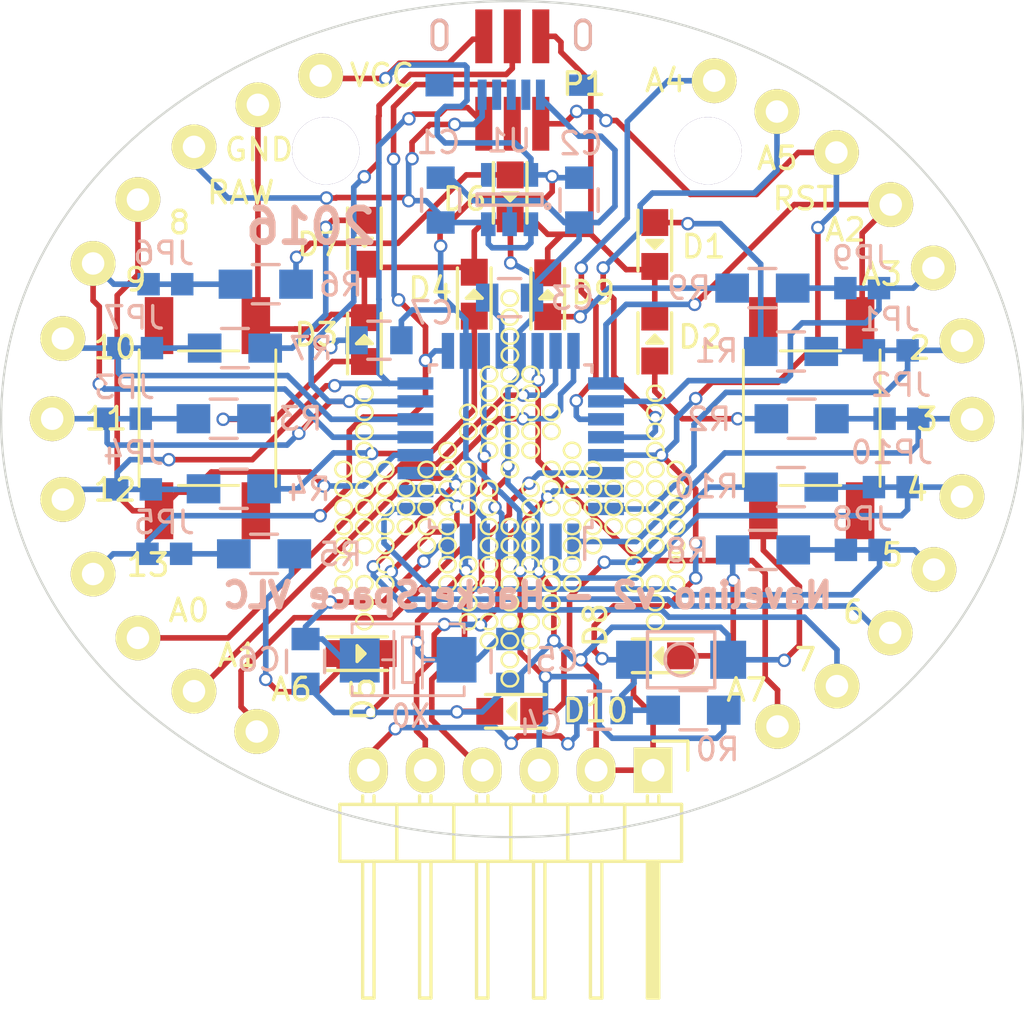
<source format=kicad_pcb>
(kicad_pcb (version 4) (host pcbnew 4.0.4-stable)
  (layers (0 F.Cu signal) (31 B.Cu signal) (34 B.Paste user) (35 F.Paste user) (36 B.SilkS user) (37 F.SilkS user) (38 B.Mask user) (39 F.Mask user) (44 Edge.Cuts user))
  (net 0 "")
  (net 1 GND)
  (net 2 "Net-(D3-Pad1)")
  (net 3 "Net-(D6-Pad1)")
  (net 4 PD4)
  (net 5 VCC)
  (net 6 XTAL1)
  (net 7 XTAL2)
  (net 8 PD5)
  (net 9 PB0)
  (net 10 PB1)
  (net 11 PB2)
  (net 12 "Net-(C3-Pad1)")
  (net 13 PC0)
  (net 14 PC1)
  (net 15 PC2)
  (net 16 PC3)
  (net 17 SDA)
  (net 18 SCL)
  (net 19 RESET)
  (net 20 DTR)
  (net 21 A6)
  (net 22 A7)
  (net 23 RXI)
  (net 24 TXO)
  (net 25 PD3)
  (net 26 PD6)
  (net 27 PD7)
  (net 28 PB3/MOSI)
  (net 29 PB4/MISO)
  (net 30 PB5/SCK)
  (net 31 PD2)
  (net 32 RAW)
  (net 33 "Net-(D1-Pad1)")
  (net 34 "Net-(D2-Pad1)")
  (net 35 "Net-(D4-Pad1)")
  (net 36 "Net-(D5-Pad1)")
  (net 37 "Net-(D7-Pad1)")
  (net 38 "Net-(D8-Pad1)")
  (net 39 "Net-(D9-Pad1)")
  (net 40 "Net-(D10-Pad1)")
  (net 41 "Net-(JP1-Pad2)")
  (net 42 "Net-(JP2-Pad2)")
  (net 43 "Net-(JP3-Pad2)")
  (net 44 "Net-(JP4-Pad2)")
  (net 45 "Net-(JP5-Pad2)")
  (net 46 "Net-(JP6-Pad2)")
  (net 47 "Net-(JP7-Pad2)")
  (net 48 "Net-(JP8-Pad2)")
  (net 49 "Net-(JP9-Pad2)")
  (net 50 "Net-(JP10-Pad2)")
  (net 51 "Net-(U1-Pad4)")
  (net 52 "Net-(CON1-Pad2)")
  (net 53 "Net-(CON1-Pad3)")
  (net 54 "Net-(CON1-Pad4)")
  (net 55 "Net-(SW1-Pad2)")
  (net 56 "Net-(SW1-Pad4)")
  (net 57 "Net-(SW2-Pad2)")
  (net 58 "Net-(SW2-Pad4)")
  (net 59 "Net-(M1-Pad1)")
  (net 60 "Net-(M2-Pad1)")
  (module Mounting_Holes:MountingHole_3mm (layer F.Cu) (at 116.75 117.275)
    (fp_text reference M1 hide)
    (fp_text value CONN_1)
    (pad 1 thru_hole circle (at 0 0) (size 3 3) (drill 3) (net 59 "Net-(M1-Pad1)"))
  )
  (module SMD-CRYSTAL-8MHZ-20PF-20PPM_2P-5.0X3.2MM_:X2-SMD-5.0X3.2X1.3MM (layer B.Cu) (at 120.425 139.975 180)
    (fp_text reference X0 (at -0.105 -2.515 180) (layer B.SilkS) (effects (font (size 1 0.9)) (justify mirror)))
    (fp_text value CRYSTAL hide)
    (pad 1 smd rect (at -2.159 0 180) (size 1.778 2.032) (layers B.Cu B.Paste B.Mask) (net 6 XTAL1))
    (pad 2 smd rect (at 2.159 0 180) (size 1.778 2.032) (layers B.Cu B.Paste B.Mask) (net 7 XTAL2))
  )
  (module SEEED:SW4-SMD-6.0X6.0X5.0MM (layer F.Cu) (at 138.425 129.2 270)
    (fp_text reference SW1 hide)
    (fp_text value "SMD-SWITCH-TACTILE-SPST-NO(4P-D6.0MM)" hide)
    (pad 1 smd rect (at -4.129 -2.159 270) (size 2.54 1.27) (layers F.Cu F.Paste F.Mask) (net 15 PC2))
    (pad 2 smd rect (at -4.129 2.159 270) (size 2.54 1.27) (layers F.Cu F.Paste F.Mask) (net 55 "Net-(SW1-Pad2)"))
    (pad 3 smd rect (at 4.129 2.159 270) (size 2.54 1.27) (layers F.Cu F.Paste F.Mask) (net 1 GND))
    (pad 4 smd rect (at 4.129 -2.159 270) (size 2.54 1.27) (layers F.Cu F.Paste F.Mask) (net 56 "Net-(SW1-Pad4)"))
  )
  (module SEEED:SW4-SMD-6.0X6.0X5.0MM (layer F.Cu) (at 111.475 129.2 90)
    (fp_text reference SW2 hide)
    (fp_text value "SMD-SWITCH-TACTILE-SPST-NO(4P-D6.0MM)" hide)
    (pad 1 smd rect (at -4.129 -2.159 90) (size 2.54 1.27) (layers F.Cu F.Paste F.Mask) (net 9 PB0))
    (pad 2 smd rect (at -4.129 2.159 90) (size 2.54 1.27) (layers F.Cu F.Paste F.Mask) (net 57 "Net-(SW2-Pad2)"))
    (pad 3 smd rect (at 4.129 2.159 90) (size 2.54 1.27) (layers F.Cu F.Paste F.Mask) (net 1 GND))
    (pad 4 smd rect (at 4.129 -2.159 90) (size 2.54 1.27) (layers F.Cu F.Paste F.Mask) (net 58 "Net-(SW2-Pad4)"))
  )
  (module ST-USB-001G (layer B.Cu) (at 125.025 115.45)
    (fp_text reference CON1 hide)
    (fp_text value USB)
    (pad 1 smd rect (at -1.3 -0.675 270) (size 1.35 0.4) (layers B.Cu B.Paste B.Mask) (net 32 RAW))
    (pad 2 smd rect (at -0.6509 -0.675 270) (size 1.35 0.4) (layers B.Cu B.Paste B.Mask) (net 52 "Net-(CON1-Pad2)"))
    (pad 3 smd rect (at 0 -0.675 270) (size 1.35 0.4) (layers B.Cu B.Paste B.Mask) (net 53 "Net-(CON1-Pad3)"))
    (pad 4 smd rect (at 0.6491 -0.675 270) (size 1.35 0.4) (layers B.Cu B.Paste B.Mask) (net 54 "Net-(CON1-Pad4)"))
    (pad 5 smd rect (at 1.3 -0.675 270) (size 1.35 0.4) (layers B.Cu B.Paste B.Mask) (net 1 GND))
    (pad 6 smd rect (at -3.2 -1.1 270) (size 1 1.25) (layers B.Cu B.Paste B.Mask))
    (pad 6 smd rect (at 3.2 -1.1 270) (size 0.95 1.25) (layers B.Cu B.Paste B.Mask))
    (pad 6 thru_hole oval (at -3.2 -3.35 270) (size 1.45 0.8) (drill oval 1.1 0.45) (layers *.Cu *.Mask B.SilkS))
    (pad 6 thru_hole oval (at 3.2 -3.35 270) (size 1.45 0.8) (drill oval 1.1 0.5) (layers *.Cu *.Mask B.SilkS))
  )
  (module Housings_QFP:TQFP-32_7x7mm_Pitch0.8mm (layer B.Cu) (at 125 130.45 90)
    (fp_text reference IC1 hide)
    (fp_text value ATMEGA328P-A)
    (pad 1 smd rect (at -4.25 2.8 90) (size 1.6 0.55) (layers B.Cu B.Paste B.Mask) (net 25 PD3))
    (pad 2 smd rect (at -4.25 2 90) (size 1.6 0.55) (layers B.Cu B.Paste B.Mask) (net 4 PD4))
    (pad 3 smd rect (at -4.25 1.2 90) (size 1.6 0.55) (layers B.Cu B.Paste B.Mask) (net 1 GND))
    (pad 4 smd rect (at -4.25 0.4 90) (size 1.6 0.55) (layers B.Cu B.Paste B.Mask) (net 5 VCC))
    (pad 5 smd rect (at -4.25 -0.4 90) (size 1.6 0.55) (layers B.Cu B.Paste B.Mask) (net 1 GND))
    (pad 6 smd rect (at -4.25 -1.2 90) (size 1.6 0.55) (layers B.Cu B.Paste B.Mask) (net 5 VCC))
    (pad 7 smd rect (at -4.25 -2 90) (size 1.6 0.55) (layers B.Cu B.Paste B.Mask) (net 6 XTAL1))
    (pad 8 smd rect (at -4.25 -2.8 90) (size 1.6 0.55) (layers B.Cu B.Paste B.Mask) (net 7 XTAL2))
    (pad 9 smd rect (at -2.8 -4.25) (size 1.6 0.55) (layers B.Cu B.Paste B.Mask) (net 8 PD5))
    (pad 10 smd rect (at -2 -4.25) (size 1.6 0.55) (layers B.Cu B.Paste B.Mask) (net 26 PD6))
    (pad 11 smd rect (at -1.2 -4.25) (size 1.6 0.55) (layers B.Cu B.Paste B.Mask) (net 27 PD7))
    (pad 12 smd rect (at -0.4 -4.25) (size 1.6 0.55) (layers B.Cu B.Paste B.Mask) (net 9 PB0))
    (pad 13 smd rect (at 0.4 -4.25) (size 1.6 0.55) (layers B.Cu B.Paste B.Mask) (net 10 PB1))
    (pad 14 smd rect (at 1.2 -4.25) (size 1.6 0.55) (layers B.Cu B.Paste B.Mask) (net 11 PB2))
    (pad 15 smd rect (at 2 -4.25) (size 1.6 0.55) (layers B.Cu B.Paste B.Mask) (net 28 PB3/MOSI))
    (pad 16 smd rect (at 2.8 -4.25) (size 1.6 0.55) (layers B.Cu B.Paste B.Mask) (net 29 PB4/MISO))
    (pad 17 smd rect (at 4.25 -2.8 90) (size 1.6 0.55) (layers B.Cu B.Paste B.Mask) (net 30 PB5/SCK))
    (pad 18 smd rect (at 4.25 -2 90) (size 1.6 0.55) (layers B.Cu B.Paste B.Mask) (net 5 VCC))
    (pad 19 smd rect (at 4.25 -1.2 90) (size 1.6 0.55) (layers B.Cu B.Paste B.Mask) (net 21 A6))
    (pad 20 smd rect (at 4.25 -0.4 90) (size 1.6 0.55) (layers B.Cu B.Paste B.Mask) (net 12 "Net-(C3-Pad1)"))
    (pad 21 smd rect (at 4.25 0.4 90) (size 1.6 0.55) (layers B.Cu B.Paste B.Mask) (net 1 GND))
    (pad 22 smd rect (at 4.25 1.2 90) (size 1.6 0.55) (layers B.Cu B.Paste B.Mask) (net 22 A7))
    (pad 23 smd rect (at 4.25 2 90) (size 1.6 0.55) (layers B.Cu B.Paste B.Mask) (net 13 PC0))
    (pad 24 smd rect (at 4.25 2.8 90) (size 1.6 0.55) (layers B.Cu B.Paste B.Mask) (net 14 PC1))
    (pad 25 smd rect (at 2.8 4.25) (size 1.6 0.55) (layers B.Cu B.Paste B.Mask) (net 15 PC2))
    (pad 26 smd rect (at 2 4.25) (size 1.6 0.55) (layers B.Cu B.Paste B.Mask) (net 16 PC3))
    (pad 27 smd rect (at 1.2 4.25) (size 1.6 0.55) (layers B.Cu B.Paste B.Mask) (net 17 SDA))
    (pad 28 smd rect (at 0.4 4.25) (size 1.6 0.55) (layers B.Cu B.Paste B.Mask) (net 18 SCL))
    (pad 29 smd rect (at -0.4 4.25) (size 1.6 0.55) (layers B.Cu B.Paste B.Mask) (net 19 RESET))
    (pad 30 smd rect (at -1.2 4.25) (size 1.6 0.55) (layers B.Cu B.Paste B.Mask) (net 23 RXI))
    (pad 31 smd rect (at -2 4.25) (size 1.6 0.55) (layers B.Cu B.Paste B.Mask) (net 24 TXO))
    (pad 32 smd rect (at -2.8 4.25) (size 1.6 0.55) (layers B.Cu B.Paste B.Mask) (net 31 PD2))
  )
  (module Pin_Headers:Pin_Header_Angled_1x06 (layer F.Cu) (at 131.35 144.9 270)
    (fp_text reference P3 hide)
    (fp_text value CONN_6)
    (pad 1 thru_hole rect (at 0 0 270) (size 2.032 1.7272) (drill 1.016) (layers *.Cu *.Mask F.SilkS) (net 1 GND))
    (pad 2 thru_hole oval (at 0 2.54 270) (size 2.032 1.7272) (drill 1.016) (layers *.Cu *.Mask F.SilkS) (net 1 GND))
    (pad 3 thru_hole oval (at 0 5.08 270) (size 2.032 1.7272) (drill 1.016) (layers *.Cu *.Mask F.SilkS) (net 5 VCC))
    (pad 4 thru_hole oval (at 0 7.62 270) (size 2.032 1.7272) (drill 1.016) (layers *.Cu *.Mask F.SilkS) (net 23 RXI))
    (pad 5 thru_hole oval (at 0 10.16 270) (size 2.032 1.7272) (drill 1.016) (layers *.Cu *.Mask F.SilkS) (net 24 TXO))
    (pad 6 thru_hole oval (at 0 12.7 270) (size 2.032 1.7272) (drill 1.016) (layers *.Cu *.Mask F.SilkS) (net 20 DTR))
  )
  (module Wire_Pads:SolderWirePad_single_1mmDrill (layer F.Cu) (at 108.375 119.45)
    (fp_text reference 8 (at 1.85 1.025) (layer F.SilkS))
    (fp_text value CONN_1)
    (pad 1 thru_hole circle (at 0 0) (size 2 2) (drill 1.00076) (layers *.Cu *.Mask F.SilkS) (net 9 PB0))
  )
  (module Wire_Pads:SolderWirePad_single_1mmDrill (layer F.Cu) (at 106.375 122.3)
    (fp_text reference 9 (at 1.9 0.725) (layer F.SilkS))
    (fp_text value CONN_1)
    (pad 1 thru_hole circle (at 0 0) (size 2 2) (drill 1.00076) (layers *.Cu *.Mask F.SilkS) (net 10 PB1))
  )
  (module Wire_Pads:SolderWirePad_single_1mmDrill (layer F.Cu) (at 105.025 125.65)
    (fp_text reference 10 (at 2.325 0.4) (layer F.SilkS))
    (fp_text value CONN_1)
    (pad 1 thru_hole circle (at 0 0) (size 2 2) (drill 1.00076) (layers *.Cu *.Mask F.SilkS) (net 11 PB2))
  )
  (module Wire_Pads:SolderWirePad_single_1mmDrill (layer F.Cu) (at 104.55 129.225)
    (fp_text reference 11 (at 2.4 0) (layer F.SilkS))
    (fp_text value CONN_1)
    (pad 1 thru_hole circle (at 0 0) (size 2 2) (drill 1.00076) (layers *.Cu *.Mask F.SilkS) (net 28 PB3/MOSI))
  )
  (module Wire_Pads:SolderWirePad_single_1mmDrill (layer F.Cu) (at 105.025 132.825)
    (fp_text reference 12 (at 2.325 -0.425) (layer F.SilkS))
    (fp_text value CONN_1)
    (pad 1 thru_hole circle (at 0 0) (size 2 2) (drill 1.00076) (layers *.Cu *.Mask F.SilkS) (net 29 PB4/MISO))
  )
  (module Wire_Pads:SolderWirePad_single_1mmDrill (layer F.Cu) (at 106.375 136.15)
    (fp_text reference 13 (at 2.45 -0.4) (layer F.SilkS))
    (fp_text value CONN_1)
    (pad 1 thru_hole circle (at 0 0) (size 2 2) (drill 1.00076) (layers *.Cu *.Mask F.SilkS) (net 30 PB5/SCK))
  )
  (module Wire_Pads:SolderWirePad_single_1mmDrill (layer F.Cu) (at 108.375 139)
    (fp_text reference A0 (at 2.275 -1.225) (layer F.SilkS))
    (fp_text value CONN_1)
    (pad 1 thru_hole circle (at 0 0) (size 2 2) (drill 1.00076) (layers *.Cu *.Mask F.SilkS) (net 13 PC0))
  )
  (module Wire_Pads:SolderWirePad_single_1mmDrill (layer F.Cu) (at 110.875 141.375)
    (fp_text reference A1 (at 1.975 -1.6) (layer F.SilkS))
    (fp_text value CONN_1)
    (pad 1 thru_hole circle (at 0 0) (size 2 2) (drill 1.00076) (layers *.Cu *.Mask F.SilkS) (net 14 PC1))
  )
  (module Wire_Pads:SolderWirePad_single_1mmDrill (layer F.Cu) (at 141.95 119.675)
    (fp_text reference A2 (at -2.025 1.125) (layer F.SilkS))
    (fp_text value CONN_1)
    (pad 1 thru_hole circle (at 0 0) (size 2 2) (drill 1.00076) (layers *.Cu *.Mask F.SilkS) (net 15 PC2))
  )
  (module Wire_Pads:SolderWirePad_single_1mmDrill (layer F.Cu) (at 143.85 122.5)
    (fp_text reference A3 (at -2.3 0.275) (layer F.SilkS))
    (fp_text value CONN_1)
    (pad 1 thru_hole circle (at 0 0) (size 2 2) (drill 1.00076) (layers *.Cu *.Mask F.SilkS) (net 16 PC3))
  )
  (module Wire_Pads:SolderWirePad_single_1mmDrill (layer F.Cu) (at 134.075 114.15)
    (fp_text reference A4 (at -2.175 -0.01) (layer F.SilkS))
    (fp_text value CONN_1)
    (pad 1 thru_hole circle (at 0 0) (size 2 2) (drill 1.00076) (layers *.Cu *.Mask F.SilkS) (net 17 SDA))
  )
  (module Wire_Pads:SolderWirePad_single_1mmDrill (layer F.Cu) (at 136.875 115.525)
    (fp_text reference A5 (at 0.015 2.085) (layer F.SilkS))
    (fp_text value CONN_1)
    (pad 1 thru_hole circle (at 0 0) (size 2 2) (drill 1.00076) (layers *.Cu *.Mask F.SilkS) (net 18 SCL))
  )
  (module Wire_Pads:SolderWirePad_single_1mmDrill (layer F.Cu) (at 139.525 117.35)
    (fp_text reference RST (at -1.485 2.06) (layer F.SilkS))
    (fp_text value CONN_1)
    (pad 1 thru_hole circle (at 0 0) (size 2 2) (drill 1.00076) (layers *.Cu *.Mask F.SilkS) (net 19 RESET))
  )
  (module Wire_Pads:SolderWirePad_single_1mmDrill (layer F.Cu) (at 145.125 125.75)
    (fp_text reference 2 (at -1.875 0.325) (layer F.SilkS))
    (fp_text value CONN_1)
    (pad 1 thru_hole circle (at 0 0) (size 2 2) (drill 1.00076) (layers *.Cu *.Mask F.SilkS) (net 31 PD2))
  )
  (module Wire_Pads:SolderWirePad_single_1mmDrill (layer F.Cu) (at 145.575 129.25)
    (fp_text reference 3 (at -2 0) (layer F.SilkS))
    (fp_text value CONN_1)
    (pad 1 thru_hole circle (at 0 0) (size 2 2) (drill 1.00076) (layers *.Cu *.Mask F.SilkS) (net 25 PD3))
  )
  (module Wire_Pads:SolderWirePad_single_1mmDrill (layer F.Cu) (at 145.125 132.7)
    (fp_text reference 4 (at -2 -0.325) (layer F.SilkS))
    (fp_text value CONN_1)
    (pad 1 thru_hole circle (at 0 0) (size 2 2) (drill 1.00076) (layers *.Cu *.Mask F.SilkS) (net 4 PD4))
  )
  (module Wire_Pads:SolderWirePad_single_1mmDrill (layer F.Cu) (at 143.875 135.95)
    (fp_text reference 5 (at -1.85 -0.65) (layer F.SilkS))
    (fp_text value CONN_1)
    (pad 1 thru_hole circle (at 0 0) (size 2 2) (drill 1.00076) (layers *.Cu *.Mask F.SilkS) (net 8 PD5))
  )
  (module Wire_Pads:SolderWirePad_single_1mmDrill (layer F.Cu) (at 141.925 138.775)
    (fp_text reference 6 (at -1.625 -0.925) (layer F.SilkS))
    (fp_text value CONN_1)
    (pad 1 thru_hole circle (at 0 0) (size 2 2) (drill 1.00076) (layers *.Cu *.Mask F.SilkS) (net 26 PD6))
  )
  (module Wire_Pads:SolderWirePad_single_1mmDrill (layer F.Cu) (at 113.725 115.225)
    (fp_text reference GND (at 0.05 2) (layer F.SilkS))
    (fp_text value CONN_1)
    (pad 1 thru_hole circle (at 0 0) (size 2 2) (drill 1.00076) (layers *.Cu *.Mask F.SilkS) (net 1 GND))
  )
  (module Wire_Pads:SolderWirePad_single_1mmDrill (layer F.Cu) (at 116.525 113.925)
    (fp_text reference VCC (at 2.735 -0.015) (layer F.SilkS))
    (fp_text value CONN_1)
    (pad 1 thru_hole circle (at 0 0) (size 2 2) (drill 1.00076) (layers *.Cu *.Mask F.SilkS) (net 5 VCC))
  )
  (module Wire_Pads:SolderWirePad_single_1mmDrill (layer F.Cu) (at 113.675 143.175)
    (fp_text reference A6 (at 1.55 -1.875) (layer F.SilkS))
    (fp_text value CONN_1)
    (pad 1 thru_hole circle (at 0 0) (size 2 2) (drill 1.00076) (layers *.Cu *.Mask F.SilkS) (net 21 A6))
  )
  (module Wire_Pads:SolderWirePad_single_1mmDrill (layer F.Cu) (at 136.9 142.95)
    (fp_text reference A7 (at -1.375 -1.625) (layer F.SilkS))
    (fp_text value CONN_1)
    (pad 1 thru_hole circle (at 0 0) (size 2 2) (drill 1.00076) (layers *.Cu *.Mask F.SilkS) (net 22 A7))
  )
  (module Wire_Pads:SolderWirePad_single_1mmDrill (layer F.Cu) (at 139.55 141.15)
    (fp_text reference 7 (at -1.4 -1.175) (layer F.SilkS))
    (fp_text value CONN_1)
    (pad 1 thru_hole circle (at 0 0) (size 2 2) (drill 1.00076) (layers *.Cu *.Mask F.SilkS) (net 27 PD7))
  )
  (module Wire_Pads:SolderWirePad_single_1mmDrill (layer F.Cu) (at 110.875 117.1)
    (fp_text reference RAW (at 2.085 2.04) (layer F.SilkS))
    (fp_text value CONN_1)
    (pad 1 thru_hole circle (at 0 0) (size 2 2) (drill 1.00076) (layers *.Cu *.Mask F.SilkS) (net 32 RAW))
  )
  (module Resistors_SMD:R_0805_HandSoldering (layer B.Cu) (at 137.5 126.225 180)
    (fp_text reference R1 (at 3.325 0.025 180) (layer B.SilkS) (effects (justify mirror)))
    (fp_text value 330)
    (pad 1 smd rect (at -1.35 0 180) (size 1.5 1.3) (layers B.Cu B.Paste B.Mask) (net 41 "Net-(JP1-Pad2)"))
    (pad 2 smd rect (at 1.35 0 180) (size 1.5 1.3) (layers B.Cu B.Paste B.Mask) (net 33 "Net-(D1-Pad1)"))
  )
  (module Resistors_SMD:R_0805_HandSoldering (layer B.Cu) (at 137.975 129.225 180)
    (fp_text reference R2 (at 4.125 -0.025 180) (layer B.SilkS) (effects (justify mirror)))
    (fp_text value 330)
    (pad 1 smd rect (at -1.35 0 180) (size 1.5 1.3) (layers B.Cu B.Paste B.Mask) (net 42 "Net-(JP2-Pad2)"))
    (pad 2 smd rect (at 1.35 0 180) (size 1.5 1.3) (layers B.Cu B.Paste B.Mask) (net 34 "Net-(D2-Pad1)"))
  )
  (module Resistors_SMD:R_0805_HandSoldering (layer B.Cu) (at 112.2 129.225)
    (fp_text reference R3 (at 3.425 0) (layer B.SilkS) (effects (justify mirror)))
    (fp_text value 330)
    (pad 1 smd rect (at -1.35 0) (size 1.5 1.3) (layers B.Cu B.Paste B.Mask) (net 43 "Net-(JP3-Pad2)"))
    (pad 2 smd rect (at 1.35 0) (size 1.5 1.3) (layers B.Cu B.Paste B.Mask) (net 2 "Net-(D3-Pad1)"))
  )
  (module Resistors_SMD:R_0805_HandSoldering (layer B.Cu) (at 112.65 132.35)
    (fp_text reference R4 (at 3.35 0.025) (layer B.SilkS) (effects (justify mirror)))
    (fp_text value 330)
    (pad 1 smd rect (at -1.35 0) (size 1.5 1.3) (layers B.Cu B.Paste B.Mask) (net 44 "Net-(JP4-Pad2)"))
    (pad 2 smd rect (at 1.35 0) (size 1.5 1.3) (layers B.Cu B.Paste B.Mask) (net 35 "Net-(D4-Pad1)"))
  )
  (module Resistors_SMD:R_0805_HandSoldering (layer B.Cu) (at 114 135.25)
    (fp_text reference R5 (at 3.4 0.025) (layer B.SilkS) (effects (justify mirror)))
    (fp_text value 330)
    (pad 1 smd rect (at -1.35 0) (size 1.5 1.3) (layers B.Cu B.Paste B.Mask) (net 45 "Net-(JP5-Pad2)"))
    (pad 2 smd rect (at 1.35 0) (size 1.5 1.3) (layers B.Cu B.Paste B.Mask) (net 36 "Net-(D5-Pad1)"))
  )
  (module Resistors_SMD:R_0805_HandSoldering (layer B.Cu) (at 114.075 123.225)
    (fp_text reference R6 (at 3.35 0.025) (layer B.SilkS) (effects (justify mirror)))
    (fp_text value 330)
    (pad 1 smd rect (at -1.35 0) (size 1.5 1.3) (layers B.Cu B.Paste B.Mask) (net 46 "Net-(JP6-Pad2)"))
    (pad 2 smd rect (at 1.35 0) (size 1.5 1.3) (layers B.Cu B.Paste B.Mask) (net 3 "Net-(D6-Pad1)"))
  )
  (module Resistors_SMD:R_0805_HandSoldering (layer B.Cu) (at 112.7 126.075)
    (fp_text reference R7 (at 3.4 0.025) (layer B.SilkS) (effects (justify mirror)))
    (fp_text value 330)
    (pad 1 smd rect (at -1.35 0) (size 1.5 1.3) (layers B.Cu B.Paste B.Mask) (net 47 "Net-(JP7-Pad2)"))
    (pad 2 smd rect (at 1.35 0) (size 1.5 1.3) (layers B.Cu B.Paste B.Mask) (net 37 "Net-(D7-Pad1)"))
  )
  (module Resistors_SMD:R_0805_HandSoldering (layer B.Cu) (at 136.25 135.075 180)
    (fp_text reference R8 (at 3.375 -0.025 180) (layer B.SilkS) (effects (justify mirror)))
    (fp_text value 330)
    (pad 1 smd rect (at -1.35 0 180) (size 1.5 1.3) (layers B.Cu B.Paste B.Mask) (net 48 "Net-(JP8-Pad2)"))
    (pad 2 smd rect (at 1.35 0 180) (size 1.5 1.3) (layers B.Cu B.Paste B.Mask) (net 38 "Net-(D8-Pad1)"))
  )
  (module Resistors_SMD:R_0805_HandSoldering (layer B.Cu) (at 136.225 123.4 180)
    (fp_text reference R9 (at 3.275 0 180) (layer B.SilkS) (effects (justify mirror)))
    (fp_text value 330)
    (pad 1 smd rect (at -1.35 0 180) (size 1.5 1.3) (layers B.Cu B.Paste B.Mask) (net 49 "Net-(JP9-Pad2)"))
    (pad 2 smd rect (at 1.35 0 180) (size 1.5 1.3) (layers B.Cu B.Paste B.Mask) (net 39 "Net-(D9-Pad1)"))
  )
  (module Resistors_SMD:R_0805_HandSoldering (layer B.Cu) (at 137.5 132.275 180)
    (fp_text reference R10 (at 3.775 0.025 180) (layer B.SilkS) (effects (justify mirror)))
    (fp_text value 330)
    (pad 1 smd rect (at -1.35 0 180) (size 1.5 1.3) (layers B.Cu B.Paste B.Mask) (net 50 "Net-(JP10-Pad2)"))
    (pad 2 smd rect (at 1.35 0 180) (size 1.5 1.3) (layers B.Cu B.Paste B.Mask) (net 40 "Net-(D10-Pad1)"))
  )
  (module Capacitors_SMD:C_0805 (layer B.Cu) (at 121.875 119.475 90)
    (fp_text reference C1 (at 2.575 -0.1 180) (layer B.SilkS) (effects (justify mirror)))
    (fp_text value 0.1uF)
    (pad 1 smd rect (at -1 0 90) (size 1 1.25) (layers B.Cu B.Paste B.Mask) (net 32 RAW))
    (pad 2 smd rect (at 1 0 90) (size 1 1.25) (layers B.Cu B.Paste B.Mask) (net 1 GND))
  )
  (module Capacitors_SMD:C_0805 (layer B.Cu) (at 128.05 119.475 270)
    (fp_text reference C2 (at -2.525 -0.075 360) (layer B.SilkS) (effects (justify mirror)))
    (fp_text value 1uF)
    (pad 1 smd rect (at -1 0 270) (size 1 1.25) (layers B.Cu B.Paste B.Mask) (net 5 VCC))
    (pad 2 smd rect (at 1 0 270) (size 1 1.25) (layers B.Cu B.Paste B.Mask) (net 1 GND))
  )
  (module Capacitors_SMD:C_0805 (layer B.Cu) (at 124.95 123.825)
    (fp_text reference C3 (at 2.8 0.025) (layer B.SilkS) (effects (justify mirror)))
    (fp_text value 0.1uF)
    (pad 1 smd rect (at -1 0) (size 1 1.25) (layers B.Cu B.Paste B.Mask) (net 12 "Net-(C3-Pad1)"))
    (pad 2 smd rect (at 1 0) (size 1 1.25) (layers B.Cu B.Paste B.Mask) (net 1 GND))
  )
  (module Capacitors_SMD:C_0805 (layer B.Cu) (at 128.95 142.225 180)
    (fp_text reference C4 (at 2.625 -0.6 180) (layer B.SilkS) (effects (justify mirror)))
    (fp_text value 0.1uF)
    (pad 1 smd rect (at -1 0 180) (size 1 1.25) (layers B.Cu B.Paste B.Mask) (net 19 RESET))
    (pad 2 smd rect (at 1 0 180) (size 1 1.25) (layers B.Cu B.Paste B.Mask) (net 20 DTR))
  )
  (module Capacitors_SMD:C_0805 (layer B.Cu) (at 124.975 140.05 90)
    (fp_text reference C5 (at 0.075 2.1 180) (layer B.SilkS) (effects (justify mirror)))
    (fp_text value 27pF)
    (pad 1 smd rect (at -1 0 90) (size 1 1.25) (layers B.Cu B.Paste B.Mask) (net 1 GND))
    (pad 2 smd rect (at 1 0 90) (size 1 1.25) (layers B.Cu B.Paste B.Mask) (net 6 XTAL1))
  )
  (module Capacitors_SMD:C_0805 (layer B.Cu) (at 115.85 140.05 90)
    (fp_text reference C6 (at 0.075 -2.075 180) (layer B.SilkS) (effects (justify mirror)))
    (fp_text value 27pF)
    (pad 1 smd rect (at -1 0 90) (size 1 1.25) (layers B.Cu B.Paste B.Mask) (net 1 GND))
    (pad 2 smd rect (at 1 0 90) (size 1 1.25) (layers B.Cu B.Paste B.Mask) (net 7 XTAL2))
  )
  (module Capacitors_SMD:C_0805 (layer B.Cu) (at 119.125 125.725 180)
    (fp_text reference C7 (at -2.35 1.225 180) (layer B.SilkS) (effects (justify mirror)))
    (fp_text value 0.1uF)
    (pad 1 smd rect (at -1 0 180) (size 1 1.25) (layers B.Cu B.Paste B.Mask) (net 5 VCC))
    (pad 2 smd rect (at 1 0 180) (size 1 1.25) (layers B.Cu B.Paste B.Mask) (net 1 GND))
  )
  (module TO_SOT_Packages_SMD:SOT-23-5 (layer B.Cu) (at 124.95 119.45 90)
    (fp_text reference U1 (at 2.625 -0.025 180) (layer B.SilkS) (effects (justify mirror)))
    (fp_text value XC6204B332MR)
    (pad 1 smd rect (at -1.1 0.95 90) (size 1.06 0.65) (layers B.Cu B.Paste B.Mask) (net 32 RAW))
    (pad 2 smd rect (at -1.1 0 90) (size 1.06 0.65) (layers B.Cu B.Paste B.Mask) (net 1 GND))
    (pad 3 smd rect (at -1.1 -0.95 90) (size 1.06 0.65) (layers B.Cu B.Paste B.Mask) (net 32 RAW))
    (pad 4 smd rect (at 1.1 -0.95 90) (size 1.06 0.65) (layers B.Cu B.Paste B.Mask) (net 51 "Net-(U1-Pad4)"))
    (pad 5 smd rect (at 1.1 0.95 90) (size 1.06 0.65) (layers B.Cu B.Paste B.Mask) (net 5 VCC))
  )
  (module Wire_Connections_Bridges:PCB_JUMPER (layer B.Cu) (at 141.95 126.175 180)
    (fp_text reference JP1 (at 0.05 1.375 180) (layer B.SilkS) (effects (justify mirror)))
    (fp_text value JUMPER)
    (pad 1 smd rect (at -0.75 0 180) (size 1 1) (layers B.Cu B.Paste B.Mask) (net 31 PD2))
    (pad 2 smd rect (at 0.75 0 180) (size 1 1) (layers B.Cu B.Paste B.Mask) (net 41 "Net-(JP1-Pad2)"))
  )
  (module Wire_Connections_Bridges:PCB_JUMPER (layer B.Cu) (at 142.425 129.225 180)
    (fp_text reference JP2 (at 0.025 1.5 180) (layer B.SilkS) (effects (justify mirror)))
    (fp_text value JUMPER)
    (pad 1 smd rect (at -0.75 0 180) (size 1 1) (layers B.Cu B.Paste B.Mask) (net 25 PD3))
    (pad 2 smd rect (at 0.75 0 180) (size 1 1) (layers B.Cu B.Paste B.Mask) (net 42 "Net-(JP2-Pad2)"))
  )
  (module Wire_Connections_Bridges:PCB_JUMPER (layer B.Cu) (at 107.75 129.225)
    (fp_text reference JP3 (at 0.025 -1.4) (layer B.SilkS) (effects (justify mirror)))
    (fp_text value JUMPER)
    (pad 1 smd rect (at -0.75 0) (size 1 1) (layers B.Cu B.Paste B.Mask) (net 28 PB3/MOSI))
    (pad 2 smd rect (at 0.75 0) (size 1 1) (layers B.Cu B.Paste B.Mask) (net 43 "Net-(JP3-Pad2)"))
  )
  (module Wire_Connections_Bridges:PCB_JUMPER (layer B.Cu) (at 108.2 132.375)
    (fp_text reference JP4 (at -0.025 -1.625) (layer B.SilkS) (effects (justify mirror)))
    (fp_text value JUMPER)
    (pad 1 smd rect (at -0.75 0) (size 1 1) (layers B.Cu B.Paste B.Mask) (net 29 PB4/MISO))
    (pad 2 smd rect (at 0.75 0) (size 1 1) (layers B.Cu B.Paste B.Mask) (net 44 "Net-(JP4-Pad2)"))
  )
  (module Wire_Connections_Bridges:PCB_JUMPER (layer B.Cu) (at 109.55 135.25)
    (fp_text reference JP5 (at 0 -1.4) (layer B.SilkS) (effects (justify mirror)))
    (fp_text value JUMPER)
    (pad 1 smd rect (at -0.75 0) (size 1 1) (layers B.Cu B.Paste B.Mask) (net 30 PB5/SCK))
    (pad 2 smd rect (at 0.75 0) (size 1 1) (layers B.Cu B.Paste B.Mask) (net 45 "Net-(JP5-Pad2)"))
  )
  (module Wire_Connections_Bridges:PCB_JUMPER (layer B.Cu) (at 109.6 123.225)
    (fp_text reference JP6 (at -0.075 -1.375) (layer B.SilkS) (effects (justify mirror)))
    (fp_text value JUMPER)
    (pad 1 smd rect (at -0.75 0) (size 1 1) (layers B.Cu B.Paste B.Mask) (net 10 PB1))
    (pad 2 smd rect (at 0.75 0) (size 1 1) (layers B.Cu B.Paste B.Mask) (net 46 "Net-(JP6-Pad2)"))
  )
  (module Wire_Connections_Bridges:PCB_JUMPER (layer B.Cu) (at 108.25 126.075)
    (fp_text reference JP7 (at -0.05 -1.35) (layer B.SilkS) (effects (justify mirror)))
    (fp_text value JUMPER)
    (pad 1 smd rect (at -0.75 0) (size 1 1) (layers B.Cu B.Paste B.Mask) (net 11 PB2))
    (pad 2 smd rect (at 0.75 0) (size 1 1) (layers B.Cu B.Paste B.Mask) (net 47 "Net-(JP7-Pad2)"))
  )
  (module Wire_Connections_Bridges:PCB_JUMPER (layer B.Cu) (at 140.7 135.075 180)
    (fp_text reference JP8 (at 0.025 1.375 180) (layer B.SilkS) (effects (justify mirror)))
    (fp_text value JUMPER)
    (pad 1 smd rect (at -0.75 0 180) (size 1 1) (layers B.Cu B.Paste B.Mask) (net 8 PD5))
    (pad 2 smd rect (at 0.75 0 180) (size 1 1) (layers B.Cu B.Paste B.Mask) (net 48 "Net-(JP8-Pad2)"))
  )
  (module Wire_Connections_Bridges:PCB_JUMPER (layer B.Cu) (at 140.675 123.4 180)
    (fp_text reference JP9 (at 0 1.35 180) (layer B.SilkS) (effects (justify mirror)))
    (fp_text value JUMPER)
    (pad 1 smd rect (at -0.75 0 180) (size 1 1) (layers B.Cu B.Paste B.Mask) (net 16 PC3))
    (pad 2 smd rect (at 0.75 0 180) (size 1 1) (layers B.Cu B.Paste B.Mask) (net 49 "Net-(JP9-Pad2)"))
  )
  (module Wire_Connections_Bridges:PCB_JUMPER (layer B.Cu) (at 141.95 132.275 180)
    (fp_text reference JP10 (at -0.05 1.55 180) (layer B.SilkS) (effects (justify mirror)))
    (fp_text value JUMPER)
    (pad 1 smd rect (at -0.75 0 180) (size 1 1) (layers B.Cu B.Paste B.Mask) (net 4 PD4))
    (pad 2 smd rect (at 0.75 0 180) (size 1 1) (layers B.Cu B.Paste B.Mask) (net 50 "Net-(JP10-Pad2)"))
  )
  (module SEEED:B3U-1000P (layer B.Cu) (at 132.6 139.975)
    (fp_text reference SW0 hide)
    (fp_text value SW_PUSH)
    (pad 1 smd rect (at -2.1 0) (size 1.6 1.7) (layers B.Cu B.Paste B.Mask) (net 19 RESET))
    (pad 2 smd rect (at 2.1 0) (size 1.6 1.7) (layers B.Cu B.Paste B.Mask) (net 1 GND))
  )
  (module Resistors_SMD:R_0805_HandSoldering (layer B.Cu) (at 133.15 142.225)
    (fp_text reference R0 (at 1.075 1.75) (layer B.SilkS) (effects (justify mirror)))
    (fp_text value 10K)
    (pad 1 smd rect (at -1.35 0) (size 1.5 1.3) (layers B.Cu B.Paste B.Mask) (net 19 RESET))
    (pad 2 smd rect (at 1.35 0) (size 1.5 1.3) (layers B.Cu B.Paste B.Mask) (net 5 VCC))
  )
  (module Mounting_Holes:MountingHole_3mm (layer F.Cu) (at 133.8 117.275)
    (fp_text reference M2 hide)
    (fp_text value CONN_1)
    (pad 1 thru_hole circle (at 0 0) (size 3 3) (drill 3) (net 60 "Net-(M2-Pad1)"))
  )
  (module navelino:ISPSMD (layer F.Cu) (at 125.07 114.12)
    (fp_text reference P1 (at 3.2 0.18) (layer F.SilkS))
    (fp_text value CONN_02X03)
    (pad 2 smd rect (at -1.27 -1.95) (size 0.76 2.4) (layers F.Cu F.Paste F.Mask) (net 5 VCC))
    (pad 4 smd rect (at 0 -1.95) (size 0.76 2.4) (layers F.Cu F.Paste F.Mask) (net 28 PB3/MOSI))
    (pad 6 smd rect (at 1.27 -1.95) (size 0.76 2.4) (layers F.Cu F.Paste F.Mask) (net 1 GND))
    (pad 1 smd rect (at -1.27 1.95) (size 0.76 2.4) (layers F.Cu F.Paste F.Mask) (net 29 PB4/MISO))
    (pad 3 smd rect (at 0 1.95) (size 0.76 2.4) (layers F.Cu F.Paste F.Mask) (net 30 PB5/SCK))
    (pad 5 smd rect (at 1.27 1.95) (size 0.76 2.4) (layers F.Cu F.Paste F.Mask) (net 19 RESET))
  )
  (module LEDs:LED-0805 (layer F.Cu) (at 118.475 121.425 270)
    (fp_text reference D7 (at 0.025 2.025 360) (layer F.SilkS))
    (fp_text value LED)
    (pad 2 smd rect (at 0.90902 0 90) (size 1.19888 1.19888) (layers F.Cu F.Paste F.Mask) (net 1 GND))
    (pad 1 smd rect (at -1.04902 0 90) (size 1.19888 1.19888) (layers F.Cu F.Paste F.Mask) (net 37 "Net-(D7-Pad1)"))
  )
  (module LEDs:LED-0805 (layer F.Cu) (at 131.425 121.525 270)
    (fp_text reference D1 (at 0.025 -2.179 360) (layer F.SilkS))
    (fp_text value BLUE)
    (pad 2 smd rect (at 0.90902 0 90) (size 1.19888 1.19888) (layers F.Cu F.Paste F.Mask) (net 1 GND))
    (pad 1 smd rect (at -1.04902 0 90) (size 1.19888 1.19888) (layers F.Cu F.Paste F.Mask) (net 33 "Net-(D1-Pad1)"))
  )
  (module LEDs:LED-0805 (layer F.Cu) (at 118.475 125.625 90)
    (fp_text reference D3 (at 0.149 -2.143 180) (layer F.SilkS))
    (fp_text value BLUE)
    (pad 2 smd rect (at 0.90902 0 270) (size 1.19888 1.19888) (layers F.Cu F.Paste F.Mask) (net 1 GND))
    (pad 1 smd rect (at -1.04902 0 270) (size 1.19888 1.19888) (layers F.Cu F.Paste F.Mask) (net 2 "Net-(D3-Pad1)"))
  )
  (module LEDs:LED-0805 (layer F.Cu) (at 124.975 119.4 270)
    (fp_text reference D6 (at 0.025 2.025 360) (layer F.SilkS))
    (fp_text value LED)
    (pad 2 smd rect (at 0.90902 0 90) (size 1.19888 1.19888) (layers F.Cu F.Paste F.Mask) (net 1 GND))
    (pad 1 smd rect (at -1.04902 0 90) (size 1.19888 1.19888) (layers F.Cu F.Paste F.Mask) (net 3 "Net-(D6-Pad1)"))
  )
  (module LEDs:LED-0805 (layer F.Cu) (at 126.65 123.625 90)
    (fp_text reference D9 (at 0.025 2.025 180) (layer F.SilkS))
    (fp_text value LED)
    (pad 2 smd rect (at 0.90902 0 270) (size 1.19888 1.19888) (layers F.Cu F.Paste F.Mask) (net 1 GND))
    (pad 1 smd rect (at -1.04902 0 270) (size 1.19888 1.19888) (layers F.Cu F.Paste F.Mask) (net 39 "Net-(D9-Pad1)"))
  )
  (module LEDs:LED-0805 (layer F.Cu) (at 131.425 125.6 90)
    (fp_text reference D2 (at 0.025 2.025 180) (layer F.SilkS))
    (fp_text value BLUE)
    (pad 2 smd rect (at 0.90902 0 270) (size 1.19888 1.19888) (layers F.Cu F.Paste F.Mask) (net 1 GND))
    (pad 1 smd rect (at -1.04902 0 270) (size 1.19888 1.19888) (layers F.Cu F.Paste F.Mask) (net 34 "Net-(D2-Pad1)"))
  )
  (module LEDs:LED-0805 (layer F.Cu) (at 123.375 123.6 90)
    (fp_text reference D4 (at 0.156 -1.963 180) (layer F.SilkS))
    (fp_text value LED)
    (pad 2 smd rect (at 0.90902 0 270) (size 1.19888 1.19888) (layers F.Cu F.Paste F.Mask) (net 1 GND))
    (pad 1 smd rect (at -1.04902 0 270) (size 1.19888 1.19888) (layers F.Cu F.Paste F.Mask) (net 35 "Net-(D4-Pad1)"))
  )
  (module LEDs:LED-0805 (layer F.Cu) (at 131.525 139.8 180)
    (fp_text reference D8 (at 2.747 1.37 270) (layer F.SilkS))
    (fp_text value LED)
    (pad 2 smd rect (at 0.90902 0) (size 1.19888 1.19888) (layers F.Cu F.Paste F.Mask) (net 1 GND))
    (pad 1 smd rect (at -1.04902 0) (size 1.19888 1.19888) (layers F.Cu F.Paste F.Mask) (net 38 "Net-(D8-Pad1)"))
  )
  (module LEDs:LED-0805 (layer F.Cu) (at 118.4 139.7)
    (fp_text reference D5 (at 0.025 2.025 90) (layer F.SilkS))
    (fp_text value LED)
    (pad 2 smd rect (at 0.90902 0 180) (size 1.19888 1.19888) (layers F.Cu F.Paste F.Mask) (net 1 GND))
    (pad 1 smd rect (at -1.04902 0 180) (size 1.19888 1.19888) (layers F.Cu F.Paste F.Mask) (net 36 "Net-(D5-Pad1)"))
  )
  (module LEDs:LED-0805 (layer F.Cu) (at 124.975 142.275 180)
    (fp_text reference D10 (at -3.803 0.035 360) (layer F.SilkS))
    (fp_text value LED)
    (pad 2 smd rect (at 0.90902 0) (size 1.19888 1.19888) (layers F.Cu F.Paste F.Mask) (net 1 GND))
    (pad 1 smd rect (at -1.04902 0) (size 1.19888 1.19888) (layers F.Cu F.Paste F.Mask) (net 40 "Net-(D10-Pad1)"))
  )
  (gr_text 2016 (at 116.078 120.65) (layer B.SilkS) (effects (font (size 1.5 1.5) (thickness 0.3)) (justify mirror)))
  (gr_text "Navelino v2 - HackerSpace VLC" (at 139.48 137.1) (layer B.SilkS) (effects (font (size 1.1 1.1) (thickness 0.275)) (justify left mirror)))
  (gr_line (start 124.948679 140.484278) (end 124.961083 140.484574) (layer F.SilkS) (width 0.1))
  (gr_line (start 124.936271 140.484414) (end 124.948679 140.484278) (layer F.SilkS) (width 0.1))
  (gr_line (start 124.923875 140.484981) (end 124.936271 140.484414) (layer F.SilkS) (width 0.1))
  (gr_line (start 124.911507 140.485978) (end 124.923875 140.484981) (layer F.SilkS) (width 0.1))
  (gr_line (start 124.899181 140.487406) (end 124.911507 140.485978) (layer F.SilkS) (width 0.1))
  (gr_line (start 124.886912 140.489261) (end 124.899181 140.487406) (layer F.SilkS) (width 0.1))
  (gr_line (start 124.874715 140.491542) (end 124.886912 140.489261) (layer F.SilkS) (width 0.1))
  (gr_line (start 124.862605 140.494246) (end 124.874715 140.491542) (layer F.SilkS) (width 0.1))
  (gr_line (start 124.850596 140.497369) (end 124.862605 140.494246) (layer F.SilkS) (width 0.1))
  (gr_line (start 124.838703 140.500908) (end 124.850596 140.497369) (layer F.SilkS) (width 0.1))
  (gr_line (start 124.82694 140.504859) (end 124.838703 140.500908) (layer F.SilkS) (width 0.1))
  (gr_line (start 124.815322 140.509216) (end 124.82694 140.504859) (layer F.SilkS) (width 0.1))
  (gr_line (start 124.803862 140.513975) (end 124.815322 140.509216) (layer F.SilkS) (width 0.1))
  (gr_line (start 124.792575 140.51913) (end 124.803862 140.513975) (layer F.SilkS) (width 0.1))
  (gr_line (start 124.781474 140.524674) (end 124.792575 140.51913) (layer F.SilkS) (width 0.1))
  (gr_line (start 124.770573 140.530602) (end 124.781474 140.524674) (layer F.SilkS) (width 0.1))
  (gr_line (start 124.759884 140.536904) (end 124.770573 140.530602) (layer F.SilkS) (width 0.1))
  (gr_line (start 124.749421 140.543575) (end 124.759884 140.536904) (layer F.SilkS) (width 0.1))
  (gr_line (start 124.739196 140.550605) (end 124.749421 140.543575) (layer F.SilkS) (width 0.1))
  (gr_line (start 124.729223 140.557987) (end 124.739196 140.550605) (layer F.SilkS) (width 0.1))
  (gr_line (start 124.719512 140.565712) (end 124.729223 140.557987) (layer F.SilkS) (width 0.1))
  (gr_line (start 124.710075 140.573769) (end 124.719512 140.565712) (layer F.SilkS) (width 0.1))
  (gr_line (start 124.700925 140.58215) (end 124.710075 140.573769) (layer F.SilkS) (width 0.1))
  (gr_line (start 124.692071 140.590844) (end 124.700925 140.58215) (layer F.SilkS) (width 0.1))
  (gr_line (start 124.683526 140.599841) (end 124.692071 140.590844) (layer F.SilkS) (width 0.1))
  (gr_line (start 124.675298 140.60913) (end 124.683526 140.599841) (layer F.SilkS) (width 0.1))
  (gr_line (start 124.667399 140.618699) (end 124.675298 140.60913) (layer F.SilkS) (width 0.1))
  (gr_line (start 124.659837 140.628537) (end 124.667399 140.618699) (layer F.SilkS) (width 0.1))
  (gr_line (start 124.652622 140.638632) (end 124.659837 140.628537) (layer F.SilkS) (width 0.1))
  (gr_line (start 124.645762 140.648972) (end 124.652622 140.638632) (layer F.SilkS) (width 0.1))
  (gr_line (start 124.639267 140.659545) (end 124.645762 140.648972) (layer F.SilkS) (width 0.1))
  (gr_line (start 124.633143 140.670337) (end 124.639267 140.659545) (layer F.SilkS) (width 0.1))
  (gr_line (start 124.627398 140.681335) (end 124.633143 140.670337) (layer F.SilkS) (width 0.1))
  (gr_line (start 124.622039 140.692527) (end 124.627398 140.681335) (layer F.SilkS) (width 0.1))
  (gr_line (start 124.617073 140.703898) (end 124.622039 140.692527) (layer F.SilkS) (width 0.1))
  (gr_line (start 124.612505 140.715435) (end 124.617073 140.703898) (layer F.SilkS) (width 0.1))
  (gr_line (start 124.608341 140.727124) (end 124.612505 140.715435) (layer F.SilkS) (width 0.1))
  (gr_line (start 124.604587 140.738951) (end 124.608341 140.727124) (layer F.SilkS) (width 0.1))
  (gr_line (start 124.601246 140.750901) (end 124.604587 140.738951) (layer F.SilkS) (width 0.1))
  (gr_line (start 124.598323 140.762961) (end 124.601246 140.750901) (layer F.SilkS) (width 0.1))
  (gr_line (start 124.595821 140.775114) (end 124.598323 140.762961) (layer F.SilkS) (width 0.1))
  (gr_line (start 124.593743 140.787348) (end 124.595821 140.775114) (layer F.SilkS) (width 0.1))
  (gr_line (start 124.592092 140.799646) (end 124.593743 140.787348) (layer F.SilkS) (width 0.1))
  (gr_line (start 124.59087 140.811994) (end 124.592092 140.799646) (layer F.SilkS) (width 0.1))
  (gr_line (start 124.590078 140.824377) (end 124.59087 140.811994) (layer F.SilkS) (width 0.1))
  (gr_line (start 124.590881 140.836754) (end 124.590078 140.824377) (layer F.SilkS) (width 0.1))
  (gr_line (start 124.592113 140.849096) (end 124.590881 140.836754) (layer F.SilkS) (width 0.1))
  (gr_line (start 124.593774 140.861388) (end 124.592113 140.849096) (layer F.SilkS) (width 0.1))
  (gr_line (start 124.59586 140.873615) (end 124.593774 140.861388) (layer F.SilkS) (width 0.1))
  (gr_line (start 124.598371 140.885761) (end 124.59586 140.873615) (layer F.SilkS) (width 0.1))
  (gr_line (start 124.601302 140.897813) (end 124.598371 140.885761) (layer F.SilkS) (width 0.1))
  (gr_line (start 124.60465 140.909756) (end 124.601302 140.897813) (layer F.SilkS) (width 0.1))
  (gr_line (start 124.608411 140.921576) (end 124.60465 140.909756) (layer F.SilkS) (width 0.1))
  (gr_line (start 124.612581 140.933257) (end 124.608411 140.921576) (layer F.SilkS) (width 0.1))
  (gr_line (start 124.617154 140.944786) (end 124.612581 140.933257) (layer F.SilkS) (width 0.1))
  (gr_line (start 124.622125 140.95615) (end 124.617154 140.944786) (layer F.SilkS) (width 0.1))
  (gr_line (start 124.627488 140.967334) (end 124.622125 140.95615) (layer F.SilkS) (width 0.1))
  (gr_line (start 124.633237 140.978325) (end 124.627488 140.967334) (layer F.SilkS) (width 0.1))
  (gr_line (start 124.639364 140.989109) (end 124.633237 140.978325) (layer F.SilkS) (width 0.1))
  (gr_line (start 124.645862 140.999674) (end 124.639364 140.989109) (layer F.SilkS) (width 0.1))
  (gr_line (start 124.652723 141.010007) (end 124.645862 140.999674) (layer F.SilkS) (width 0.1))
  (gr_line (start 124.65994 141.020095) (end 124.652723 141.010007) (layer F.SilkS) (width 0.1))
  (gr_line (start 124.667502 141.029926) (end 124.65994 141.020095) (layer F.SilkS) (width 0.1))
  (gr_line (start 124.675402 141.039488) (end 124.667502 141.029926) (layer F.SilkS) (width 0.1))
  (gr_line (start 124.683629 141.04877) (end 124.675402 141.039488) (layer F.SilkS) (width 0.1))
  (gr_line (start 124.692174 141.05776) (end 124.683629 141.04877) (layer F.SilkS) (width 0.1))
  (gr_line (start 124.701027 141.066448) (end 124.692174 141.05776) (layer F.SilkS) (width 0.1))
  (gr_line (start 124.710175 141.074823) (end 124.701027 141.066448) (layer F.SilkS) (width 0.1))
  (gr_line (start 124.71961 141.082875) (end 124.710175 141.074823) (layer F.SilkS) (width 0.1))
  (gr_line (start 124.729318 141.090595) (end 124.71961 141.082875) (layer F.SilkS) (width 0.1))
  (gr_line (start 124.739289 141.097972) (end 124.729318 141.090595) (layer F.SilkS) (width 0.1))
  (gr_line (start 124.749511 141.104998) (end 124.739289 141.097972) (layer F.SilkS) (width 0.1))
  (gr_line (start 124.75997 141.111665) (end 124.749511 141.104998) (layer F.SilkS) (width 0.1))
  (gr_line (start 124.770655 141.117964) (end 124.75997 141.111665) (layer F.SilkS) (width 0.1))
  (gr_line (start 124.781552 141.123888) (end 124.770655 141.117964) (layer F.SilkS) (width 0.1))
  (gr_line (start 124.792648 141.129429) (end 124.781552 141.123888) (layer F.SilkS) (width 0.1))
  (gr_line (start 124.803931 141.134582) (end 124.792648 141.129429) (layer F.SilkS) (width 0.1))
  (gr_line (start 124.815386 141.13934) (end 124.803931 141.134582) (layer F.SilkS) (width 0.1))
  (gr_line (start 124.826999 141.143696) (end 124.815386 141.13934) (layer F.SilkS) (width 0.1))
  (gr_line (start 124.838756 141.147646) (end 124.826999 141.143696) (layer F.SilkS) (width 0.1))
  (gr_line (start 124.850644 141.151185) (end 124.838756 141.147646) (layer F.SilkS) (width 0.1))
  (gr_line (start 124.862647 141.154309) (end 124.850644 141.151185) (layer F.SilkS) (width 0.1))
  (gr_line (start 124.874752 141.157014) (end 124.862647 141.154309) (layer F.SilkS) (width 0.1))
  (gr_line (start 124.886944 141.159297) (end 124.874752 141.157014) (layer F.SilkS) (width 0.1))
  (gr_line (start 124.899207 141.161154) (end 124.886944 141.159297) (layer F.SilkS) (width 0.1))
  (gr_line (start 124.911528 141.162584) (end 124.899207 141.161154) (layer F.SilkS) (width 0.1))
  (gr_line (start 124.923891 141.163585) (end 124.911528 141.162584) (layer F.SilkS) (width 0.1))
  (gr_line (start 124.936281 141.164156) (end 124.923891 141.163585) (layer F.SilkS) (width 0.1))
  (gr_line (start 124.948684 141.164295) (end 124.936281 141.164156) (layer F.SilkS) (width 0.1))
  (gr_line (start 124.961083 141.164004) (end 124.948684 141.164295) (layer F.SilkS) (width 0.1))
  (gr_line (start 124.973484 141.164301) (end 124.961083 141.164004) (layer F.SilkS) (width 0.1))
  (gr_line (start 124.985886 141.164166) (end 124.973484 141.164301) (layer F.SilkS) (width 0.1))
  (gr_line (start 124.998277 141.1636) (end 124.985886 141.164166) (layer F.SilkS) (width 0.1))
  (gr_line (start 125.010641 141.162603) (end 124.998277 141.1636) (layer F.SilkS) (width 0.1))
  (gr_line (start 125.022962 141.161178) (end 125.010641 141.162603) (layer F.SilkS) (width 0.1))
  (gr_line (start 125.035227 141.159324) (end 125.022962 141.161178) (layer F.SilkS) (width 0.1))
  (gr_line (start 125.047419 141.157045) (end 125.035227 141.159324) (layer F.SilkS) (width 0.1))
  (gr_line (start 125.059525 141.154343) (end 125.047419 141.157045) (layer F.SilkS) (width 0.1))
  (gr_line (start 125.071529 141.151222) (end 125.059525 141.154343) (layer F.SilkS) (width 0.1))
  (gr_line (start 125.083418 141.147685) (end 125.071529 141.151222) (layer F.SilkS) (width 0.1))
  (gr_line (start 125.095177 141.143737) (end 125.083418 141.147685) (layer F.SilkS) (width 0.1))
  (gr_line (start 125.106791 141.139382) (end 125.095177 141.143737) (layer F.SilkS) (width 0.1))
  (gr_line (start 125.118246 141.134626) (end 125.106791 141.139382) (layer F.SilkS) (width 0.1))
  (gr_line (start 125.12953 141.129475) (end 125.118246 141.134626) (layer F.SilkS) (width 0.1))
  (gr_line (start 125.140627 141.123934) (end 125.12953 141.129475) (layer F.SilkS) (width 0.1))
  (gr_line (start 125.151525 141.11801) (end 125.140627 141.123934) (layer F.SilkS) (width 0.1))
  (gr_line (start 125.16221 141.111711) (end 125.151525 141.11801) (layer F.SilkS) (width 0.1))
  (gr_line (start 125.172669 141.105044) (end 125.16221 141.111711) (layer F.SilkS) (width 0.1))
  (gr_line (start 125.182891 141.098018) (end 125.172669 141.105044) (layer F.SilkS) (width 0.1))
  (gr_line (start 125.192862 141.09064) (end 125.182891 141.098018) (layer F.SilkS) (width 0.1))
  (gr_line (start 125.20257 141.08292) (end 125.192862 141.09064) (layer F.SilkS) (width 0.1))
  (gr_line (start 125.212004 141.074867) (end 125.20257 141.08292) (layer F.SilkS) (width 0.1))
  (gr_line (start 125.221152 141.066491) (end 125.212004 141.074867) (layer F.SilkS) (width 0.1))
  (gr_line (start 125.230003 141.057801) (end 125.221152 141.066491) (layer F.SilkS) (width 0.1))
  (gr_line (start 125.238547 141.048809) (end 125.230003 141.057801) (layer F.SilkS) (width 0.1))
  (gr_line (start 125.246773 141.039525) (end 125.238547 141.048809) (layer F.SilkS) (width 0.1))
  (gr_line (start 125.25467 141.029961) (end 125.246773 141.039525) (layer F.SilkS) (width 0.1))
  (gr_line (start 125.262231 141.020128) (end 125.25467 141.029961) (layer F.SilkS) (width 0.1))
  (gr_line (start 125.269445 141.010038) (end 125.262231 141.020128) (layer F.SilkS) (width 0.1))
  (gr_line (start 125.276303 140.999703) (end 125.269445 141.010038) (layer F.SilkS) (width 0.1))
  (gr_line (start 125.282798 140.989136) (end 125.276303 140.999703) (layer F.SilkS) (width 0.1))
  (gr_line (start 125.288922 140.978349) (end 125.282798 140.989136) (layer F.SilkS) (width 0.1))
  (gr_line (start 125.294666 140.967356) (end 125.288922 140.978349) (layer F.SilkS) (width 0.1))
  (gr_line (start 125.300025 140.956169) (end 125.294666 140.967356) (layer F.SilkS) (width 0.1))
  (gr_line (start 125.304992 140.944804) (end 125.300025 140.956169) (layer F.SilkS) (width 0.1))
  (gr_line (start 125.30956 140.933272) (end 125.304992 140.944804) (layer F.SilkS) (width 0.1))
  (gr_line (start 125.313724 140.921588) (end 125.30956 140.933272) (layer F.SilkS) (width 0.1))
  (gr_line (start 125.31748 140.909767) (end 125.313724 140.921588) (layer F.SilkS) (width 0.1))
  (gr_line (start 125.320822 140.897822) (end 125.31748 140.909767) (layer F.SilkS) (width 0.1))
  (gr_line (start 125.323746 140.885768) (end 125.320822 140.897822) (layer F.SilkS) (width 0.1))
  (gr_line (start 125.32625 140.873619) (end 125.323746 140.885768) (layer F.SilkS) (width 0.1))
  (gr_line (start 125.328329 140.861391) (end 125.32625 140.873619) (layer F.SilkS) (width 0.1))
  (gr_line (start 125.329982 140.849098) (end 125.328329 140.861391) (layer F.SilkS) (width 0.1))
  (gr_line (start 125.331207 140.836755) (end 125.329982 140.849098) (layer F.SilkS) (width 0.1))
  (gr_line (start 125.332001 140.824377) (end 125.331207 140.836755) (layer F.SilkS) (width 0.1))
  (gr_line (start 125.331217 140.811993) (end 125.332001 140.824377) (layer F.SilkS) (width 0.1))
  (gr_line (start 125.330003 140.799644) (end 125.331217 140.811993) (layer F.SilkS) (width 0.1))
  (gr_line (start 125.32836 140.787344) (end 125.330003 140.799644) (layer F.SilkS) (width 0.1))
  (gr_line (start 125.326289 140.775109) (end 125.32836 140.787344) (layer F.SilkS) (width 0.1))
  (gr_line (start 125.323794 140.762954) (end 125.326289 140.775109) (layer F.SilkS) (width 0.1))
  (gr_line (start 125.320877 140.750893) (end 125.323794 140.762954) (layer F.SilkS) (width 0.1))
  (gr_line (start 125.317543 140.738941) (end 125.320877 140.750893) (layer F.SilkS) (width 0.1))
  (gr_line (start 125.313794 140.727112) (end 125.317543 140.738941) (layer F.SilkS) (width 0.1))
  (gr_line (start 125.309636 140.715421) (end 125.313794 140.727112) (layer F.SilkS) (width 0.1))
  (gr_line (start 125.305073 140.703881) (end 125.309636 140.715421) (layer F.SilkS) (width 0.1))
  (gr_line (start 125.300111 140.692507) (end 125.305073 140.703881) (layer F.SilkS) (width 0.1))
  (gr_line (start 125.294757 140.681313) (end 125.300111 140.692507) (layer F.SilkS) (width 0.1))
  (gr_line (start 125.289016 140.670313) (end 125.294757 140.681313) (layer F.SilkS) (width 0.1))
  (gr_line (start 125.282895 140.659518) (end 125.289016 140.670313) (layer F.SilkS) (width 0.1))
  (gr_line (start 125.276403 140.648943) (end 125.282895 140.659518) (layer F.SilkS) (width 0.1))
  (gr_line (start 125.269546 140.638601) (end 125.276403 140.648943) (layer F.SilkS) (width 0.1))
  (gr_line (start 125.262334 140.628504) (end 125.269546 140.638601) (layer F.SilkS) (width 0.1))
  (gr_line (start 125.254774 140.618663) (end 125.262334 140.628504) (layer F.SilkS) (width 0.1))
  (gr_line (start 125.246876 140.609092) (end 125.254774 140.618663) (layer F.SilkS) (width 0.1))
  (gr_line (start 125.238651 140.599802) (end 125.246876 140.609092) (layer F.SilkS) (width 0.1))
  (gr_line (start 125.230106 140.590803) (end 125.238651 140.599802) (layer F.SilkS) (width 0.1))
  (gr_line (start 125.221254 140.582108) (end 125.230106 140.590803) (layer F.SilkS) (width 0.1))
  (gr_line (start 125.212104 140.573726) (end 125.221254 140.582108) (layer F.SilkS) (width 0.1))
  (gr_line (start 125.202668 140.565667) (end 125.212104 140.573726) (layer F.SilkS) (width 0.1))
  (gr_line (start 125.192957 140.557942) (end 125.202668 140.565667) (layer F.SilkS) (width 0.1))
  (gr_line (start 125.182984 140.550559) (end 125.192957 140.557942) (layer F.SilkS) (width 0.1))
  (gr_line (start 125.172759 140.543528) (end 125.182984 140.550559) (layer F.SilkS) (width 0.1))
  (gr_line (start 125.162296 140.536858) (end 125.172759 140.543528) (layer F.SilkS) (width 0.1))
  (gr_line (start 125.151607 140.530555) (end 125.162296 140.536858) (layer F.SilkS) (width 0.1))
  (gr_line (start 125.140705 140.524629) (end 125.151607 140.530555) (layer F.SilkS) (width 0.1))
  (gr_line (start 125.129603 140.519085) (end 125.140705 140.524629) (layer F.SilkS) (width 0.1))
  (gr_line (start 125.118315 140.513931) (end 125.129603 140.519085) (layer F.SilkS) (width 0.1))
  (gr_line (start 125.106855 140.509174) (end 125.118315 140.513931) (layer F.SilkS) (width 0.1))
  (gr_line (start 125.095235 140.504818) (end 125.106855 140.509174) (layer F.SilkS) (width 0.1))
  (gr_line (start 125.083472 140.500869) (end 125.095235 140.504818) (layer F.SilkS) (width 0.1))
  (gr_line (start 125.071578 140.497332) (end 125.083472 140.500869) (layer F.SilkS) (width 0.1))
  (gr_line (start 125.059568 140.494212) (end 125.071578 140.497332) (layer F.SilkS) (width 0.1))
  (gr_line (start 125.047456 140.491511) (end 125.059568 140.494212) (layer F.SilkS) (width 0.1))
  (gr_line (start 125.035258 140.489234) (end 125.047456 140.491511) (layer F.SilkS) (width 0.1))
  (gr_line (start 125.022989 140.487382) (end 125.035258 140.489234) (layer F.SilkS) (width 0.1))
  (gr_line (start 125.010662 140.485959) (end 125.022989 140.487382) (layer F.SilkS) (width 0.1))
  (gr_line (start 124.998293 140.484965) (end 125.010662 140.485959) (layer F.SilkS) (width 0.1))
  (gr_line (start 124.985897 140.484403) (end 124.998293 140.484965) (layer F.SilkS) (width 0.1))
  (gr_line (start 124.973489 140.484273) (end 124.985897 140.484403) (layer F.SilkS) (width 0.1))
  (gr_line (start 124.961083 140.484574) (end 124.973489 140.484273) (layer F.SilkS) (width 0.1))
  (gr_line (start 124.948683 139.635379) (end 124.961083 139.635666) (layer F.SilkS) (width 0.1))
  (gr_line (start 124.93628 139.635523) (end 124.948683 139.635379) (layer F.SilkS) (width 0.1))
  (gr_line (start 124.923889 139.636098) (end 124.93628 139.635523) (layer F.SilkS) (width 0.1))
  (gr_line (start 124.911526 139.637103) (end 124.923889 139.636098) (layer F.SilkS) (width 0.1))
  (gr_line (start 124.899205 139.638537) (end 124.911526 139.637103) (layer F.SilkS) (width 0.1))
  (gr_line (start 124.886941 139.640398) (end 124.899205 139.638537) (layer F.SilkS) (width 0.1))
  (gr_line (start 124.87475 139.642684) (end 124.886941 139.640398) (layer F.SilkS) (width 0.1))
  (gr_line (start 124.862645 139.645393) (end 124.87475 139.642684) (layer F.SilkS) (width 0.1))
  (gr_line (start 124.850642 139.64852) (end 124.862645 139.645393) (layer F.SilkS) (width 0.1))
  (gr_line (start 124.838754 139.652063) (end 124.850642 139.64852) (layer F.SilkS) (width 0.1))
  (gr_line (start 124.826997 139.656016) (end 124.838754 139.652063) (layer F.SilkS) (width 0.1))
  (gr_line (start 124.815385 139.660376) (end 124.826997 139.656016) (layer F.SilkS) (width 0.1))
  (gr_line (start 124.803931 139.665136) (end 124.815385 139.660376) (layer F.SilkS) (width 0.1))
  (gr_line (start 124.792649 139.670292) (end 124.803931 139.665136) (layer F.SilkS) (width 0.1))
  (gr_line (start 124.781553 139.675836) (end 124.792649 139.670292) (layer F.SilkS) (width 0.1))
  (gr_line (start 124.770656 139.681762) (end 124.781553 139.675836) (layer F.SilkS) (width 0.1))
  (gr_line (start 124.759972 139.688064) (end 124.770656 139.681762) (layer F.SilkS) (width 0.1))
  (gr_line (start 124.749513 139.694733) (end 124.759972 139.688064) (layer F.SilkS) (width 0.1))
  (gr_line (start 124.739293 139.701761) (end 124.749513 139.694733) (layer F.SilkS) (width 0.1))
  (gr_line (start 124.729322 139.70914) (end 124.739293 139.701761) (layer F.SilkS) (width 0.1))
  (gr_line (start 124.719614 139.716862) (end 124.729322 139.70914) (layer F.SilkS) (width 0.1))
  (gr_line (start 124.710181 139.724915) (end 124.719614 139.716862) (layer F.SilkS) (width 0.1))
  (gr_line (start 124.701032 139.733292) (end 124.710181 139.724915) (layer F.SilkS) (width 0.1))
  (gr_line (start 124.692181 139.741981) (end 124.701032 139.733292) (layer F.SilkS) (width 0.1))
  (gr_line (start 124.683636 139.750973) (end 124.692181 139.741981) (layer F.SilkS) (width 0.1))
  (gr_line (start 124.67541 139.760256) (end 124.683636 139.750973) (layer F.SilkS) (width 0.1))
  (gr_line (start 124.66751 139.76982) (end 124.67541 139.760256) (layer F.SilkS) (width 0.1))
  (gr_line (start 124.659948 139.779652) (end 124.66751 139.76982) (layer F.SilkS) (width 0.1))
  (gr_line (start 124.652732 139.789741) (end 124.659948 139.779652) (layer F.SilkS) (width 0.1))
  (gr_line (start 124.645871 139.800075) (end 124.652732 139.789741) (layer F.SilkS) (width 0.1))
  (gr_line (start 124.639373 139.81064) (end 124.645871 139.800075) (layer F.SilkS) (width 0.1))
  (gr_line (start 124.633246 139.821426) (end 124.639373 139.81064) (layer F.SilkS) (width 0.1))
  (gr_line (start 124.627497 139.832417) (end 124.633246 139.821426) (layer F.SilkS) (width 0.1))
  (gr_line (start 124.622134 139.843602) (end 124.627497 139.832417) (layer F.SilkS) (width 0.1))
  (gr_line (start 124.617162 139.854966) (end 124.622134 139.843602) (layer F.SilkS) (width 0.1))
  (gr_line (start 124.612589 139.866496) (end 124.617162 139.854966) (layer F.SilkS) (width 0.1))
  (gr_line (start 124.608419 139.878178) (end 124.612589 139.866496) (layer F.SilkS) (width 0.1))
  (gr_line (start 124.604657 139.889998) (end 124.608419 139.878178) (layer F.SilkS) (width 0.1))
  (gr_line (start 124.601308 139.901941) (end 124.604657 139.889998) (layer F.SilkS) (width 0.1))
  (gr_line (start 124.598376 139.913994) (end 124.601308 139.901941) (layer F.SilkS) (width 0.1))
  (gr_line (start 124.595865 139.926141) (end 124.598376 139.913994) (layer F.SilkS) (width 0.1))
  (gr_line (start 124.593777 139.938368) (end 124.595865 139.926141) (layer F.SilkS) (width 0.1))
  (gr_line (start 124.592116 139.95066) (end 124.593777 139.938368) (layer F.SilkS) (width 0.1))
  (gr_line (start 124.590882 139.963003) (end 124.592116 139.95066) (layer F.SilkS) (width 0.1))
  (gr_line (start 124.590078 139.97538) (end 124.590882 139.963003) (layer F.SilkS) (width 0.1))
  (gr_line (start 124.590881 139.987755) (end 124.590078 139.97538) (layer F.SilkS) (width 0.1))
  (gr_line (start 124.592113 140.000094) (end 124.590881 139.987755) (layer F.SilkS) (width 0.1))
  (gr_line (start 124.593773 140.012382) (end 124.592113 140.000094) (layer F.SilkS) (width 0.1))
  (gr_line (start 124.59586 140.024606) (end 124.593773 140.012382) (layer F.SilkS) (width 0.1))
  (gr_line (start 124.598371 140.036749) (end 124.59586 140.024606) (layer F.SilkS) (width 0.1))
  (gr_line (start 124.601302 140.048798) (end 124.598371 140.036749) (layer F.SilkS) (width 0.1))
  (gr_line (start 124.604651 140.060738) (end 124.601302 140.048798) (layer F.SilkS) (width 0.1))
  (gr_line (start 124.608413 140.072554) (end 124.604651 140.060738) (layer F.SilkS) (width 0.1))
  (gr_line (start 124.612583 140.084231) (end 124.608413 140.072554) (layer F.SilkS) (width 0.1))
  (gr_line (start 124.617157 140.095757) (end 124.612583 140.084231) (layer F.SilkS) (width 0.1))
  (gr_line (start 124.622129 140.107117) (end 124.617157 140.095757) (layer F.SilkS) (width 0.1))
  (gr_line (start 124.627493 140.118297) (end 124.622129 140.107117) (layer F.SilkS) (width 0.1))
  (gr_line (start 124.633242 140.129284) (end 124.627493 140.118297) (layer F.SilkS) (width 0.1))
  (gr_line (start 124.63937 140.140065) (end 124.633242 140.129284) (layer F.SilkS) (width 0.1))
  (gr_line (start 124.645869 140.150625) (end 124.63937 140.140065) (layer F.SilkS) (width 0.1))
  (gr_line (start 124.652732 140.160954) (end 124.645869 140.150625) (layer F.SilkS) (width 0.1))
  (gr_line (start 124.659949 140.171037) (end 124.652732 140.160954) (layer F.SilkS) (width 0.1))
  (gr_line (start 124.667513 140.180863) (end 124.659949 140.171037) (layer F.SilkS) (width 0.1))
  (gr_line (start 124.675414 140.190421) (end 124.667513 140.180863) (layer F.SilkS) (width 0.1))
  (gr_line (start 124.683642 140.199698) (end 124.675414 140.190421) (layer F.SilkS) (width 0.1))
  (gr_line (start 124.692188 140.208683) (end 124.683642 140.199698) (layer F.SilkS) (width 0.1))
  (gr_line (start 124.701041 140.217365) (end 124.692188 140.208683) (layer F.SilkS) (width 0.1))
  (gr_line (start 124.710191 140.225735) (end 124.701041 140.217365) (layer F.SilkS) (width 0.1))
  (gr_line (start 124.719626 140.233781) (end 124.710191 140.225735) (layer F.SilkS) (width 0.1))
  (gr_line (start 124.729336 140.241494) (end 124.719626 140.233781) (layer F.SilkS) (width 0.1))
  (gr_line (start 124.739308 140.248865) (end 124.729336 140.241494) (layer F.SilkS) (width 0.1))
  (gr_line (start 124.74953 140.255885) (end 124.739308 140.248865) (layer F.SilkS) (width 0.1))
  (gr_line (start 124.75999 140.262545) (end 124.74953 140.255885) (layer F.SilkS) (width 0.1))
  (gr_line (start 124.770675 140.268838) (end 124.75999 140.262545) (layer F.SilkS) (width 0.1))
  (gr_line (start 124.781572 140.274755) (end 124.770675 140.268838) (layer F.SilkS) (width 0.1))
  (gr_line (start 124.792669 140.280289) (end 124.781572 140.274755) (layer F.SilkS) (width 0.1))
  (gr_line (start 124.803951 140.285434) (end 124.792669 140.280289) (layer F.SilkS) (width 0.1))
  (gr_line (start 124.815406 140.290184) (end 124.803951 140.285434) (layer F.SilkS) (width 0.1))
  (gr_line (start 124.827019 140.294533) (end 124.815406 140.290184) (layer F.SilkS) (width 0.1))
  (gr_line (start 124.838776 140.298475) (end 124.827019 140.294533) (layer F.SilkS) (width 0.1))
  (gr_line (start 124.850663 140.302006) (end 124.838776 140.298475) (layer F.SilkS) (width 0.1))
  (gr_line (start 124.862665 140.305121) (end 124.850663 140.302006) (layer F.SilkS) (width 0.1))
  (gr_line (start 124.874769 140.307818) (end 124.862665 140.305121) (layer F.SilkS) (width 0.1))
  (gr_line (start 124.886959 140.310091) (end 124.874769 140.307818) (layer F.SilkS) (width 0.1))
  (gr_line (start 124.899221 140.31194) (end 124.886959 140.310091) (layer F.SilkS) (width 0.1))
  (gr_line (start 124.911539 140.313361) (end 124.899221 140.31194) (layer F.SilkS) (width 0.1))
  (gr_line (start 124.9239 140.314353) (end 124.911539 140.313361) (layer F.SilkS) (width 0.1))
  (gr_line (start 124.936287 140.314914) (end 124.9239 140.314353) (layer F.SilkS) (width 0.1))
  (gr_line (start 124.948687 140.315044) (end 124.936287 140.314914) (layer F.SilkS) (width 0.1))
  (gr_line (start 124.961083 140.314744) (end 124.948687 140.315044) (layer F.SilkS) (width 0.1))
  (gr_line (start 124.97348 140.31505) (end 124.961083 140.314744) (layer F.SilkS) (width 0.1))
  (gr_line (start 124.98588 140.314925) (end 124.97348 140.31505) (layer F.SilkS) (width 0.1))
  (gr_line (start 124.998268 140.314368) (end 124.98588 140.314925) (layer F.SilkS) (width 0.1))
  (gr_line (start 125.01063 140.313381) (end 124.998268 140.314368) (layer F.SilkS) (width 0.1))
  (gr_line (start 125.022949 140.311964) (end 125.01063 140.313381) (layer F.SilkS) (width 0.1))
  (gr_line (start 125.035212 140.310119) (end 125.022949 140.311964) (layer F.SilkS) (width 0.1))
  (gr_line (start 125.047402 140.307848) (end 125.035212 140.310119) (layer F.SilkS) (width 0.1))
  (gr_line (start 125.059507 140.305155) (end 125.047402 140.307848) (layer F.SilkS) (width 0.1))
  (gr_line (start 125.071511 140.302042) (end 125.059507 140.305155) (layer F.SilkS) (width 0.1))
  (gr_line (start 125.083399 140.298514) (end 125.071511 140.302042) (layer F.SilkS) (width 0.1))
  (gr_line (start 125.095157 140.294574) (end 125.083399 140.298514) (layer F.SilkS) (width 0.1))
  (gr_line (start 125.10677 140.290227) (end 125.095157 140.294574) (layer F.SilkS) (width 0.1))
  (gr_line (start 125.118226 140.285478) (end 125.10677 140.290227) (layer F.SilkS) (width 0.1))
  (gr_line (start 125.129509 140.280334) (end 125.118226 140.285478) (layer F.SilkS) (width 0.1))
  (gr_line (start 125.140606 140.2748) (end 125.129509 140.280334) (layer F.SilkS) (width 0.1))
  (gr_line (start 125.151505 140.268884) (end 125.140606 140.2748) (layer F.SilkS) (width 0.1))
  (gr_line (start 125.16219 140.262592) (end 125.151505 140.268884) (layer F.SilkS) (width 0.1))
  (gr_line (start 125.17265 140.255932) (end 125.16219 140.262592) (layer F.SilkS) (width 0.1))
  (gr_line (start 125.182873 140.248911) (end 125.17265 140.255932) (layer F.SilkS) (width 0.1))
  (gr_line (start 125.192844 140.24154) (end 125.182873 140.248911) (layer F.SilkS) (width 0.1))
  (gr_line (start 125.202553 140.233826) (end 125.192844 140.24154) (layer F.SilkS) (width 0.1))
  (gr_line (start 125.211988 140.225778) (end 125.202553 140.233826) (layer F.SilkS) (width 0.1))
  (gr_line (start 125.221137 140.217408) (end 125.211988 140.225778) (layer F.SilkS) (width 0.1))
  (gr_line (start 125.22999 140.208724) (end 125.221137 140.217408) (layer F.SilkS) (width 0.1))
  (gr_line (start 125.238534 140.199737) (end 125.22999 140.208724) (layer F.SilkS) (width 0.1))
  (gr_line (start 125.246761 140.190458) (end 125.238534 140.199737) (layer F.SilkS) (width 0.1))
  (gr_line (start 125.25466 140.180899) (end 125.246761 140.190458) (layer F.SilkS) (width 0.1))
  (gr_line (start 125.262221 140.17107) (end 125.25466 140.180899) (layer F.SilkS) (width 0.1))
  (gr_line (start 125.269436 140.160985) (end 125.262221 140.17107) (layer F.SilkS) (width 0.1))
  (gr_line (start 125.276296 140.150654) (end 125.269436 140.160985) (layer F.SilkS) (width 0.1))
  (gr_line (start 125.282792 140.140091) (end 125.276296 140.150654) (layer F.SilkS) (width 0.1))
  (gr_line (start 125.288916 140.129309) (end 125.282792 140.140091) (layer F.SilkS) (width 0.1))
  (gr_line (start 125.294662 140.118319) (end 125.288916 140.129309) (layer F.SilkS) (width 0.1))
  (gr_line (start 125.300021 140.107137) (end 125.294662 140.118319) (layer F.SilkS) (width 0.1))
  (gr_line (start 125.304989 140.095775) (end 125.300021 140.107137) (layer F.SilkS) (width 0.1))
  (gr_line (start 125.309558 140.084246) (end 125.304989 140.095775) (layer F.SilkS) (width 0.1))
  (gr_line (start 125.313723 140.072566) (end 125.309558 140.084246) (layer F.SilkS) (width 0.1))
  (gr_line (start 125.317479 140.060748) (end 125.313723 140.072566) (layer F.SilkS) (width 0.1))
  (gr_line (start 125.320821 140.048806) (end 125.317479 140.060748) (layer F.SilkS) (width 0.1))
  (gr_line (start 125.323746 140.036756) (end 125.320821 140.048806) (layer F.SilkS) (width 0.1))
  (gr_line (start 125.32625 140.02461) (end 125.323746 140.036756) (layer F.SilkS) (width 0.1))
  (gr_line (start 125.328329 140.012385) (end 125.32625 140.02461) (layer F.SilkS) (width 0.1))
  (gr_line (start 125.329982 140.000096) (end 125.328329 140.012385) (layer F.SilkS) (width 0.1))
  (gr_line (start 125.331207 139.987756) (end 125.329982 140.000096) (layer F.SilkS) (width 0.1))
  (gr_line (start 125.332001 139.97538) (end 125.331207 139.987756) (layer F.SilkS) (width 0.1))
  (gr_line (start 125.331205 139.963002) (end 125.332001 139.97538) (layer F.SilkS) (width 0.1))
  (gr_line (start 125.32998 139.950658) (end 125.331205 139.963002) (layer F.SilkS) (width 0.1))
  (gr_line (start 125.328325 139.938365) (end 125.32998 139.950658) (layer F.SilkS) (width 0.1))
  (gr_line (start 125.326245 139.926136) (end 125.328325 139.938365) (layer F.SilkS) (width 0.1))
  (gr_line (start 125.323741 139.913987) (end 125.326245 139.926136) (layer F.SilkS) (width 0.1))
  (gr_line (start 125.320815 139.901933) (end 125.323741 139.913987) (layer F.SilkS) (width 0.1))
  (gr_line (start 125.317473 139.889987) (end 125.320815 139.901933) (layer F.SilkS) (width 0.1))
  (gr_line (start 125.313717 139.878165) (end 125.317473 139.889987) (layer F.SilkS) (width 0.1))
  (gr_line (start 125.309552 139.866481) (end 125.313717 139.878165) (layer F.SilkS) (width 0.1))
  (gr_line (start 125.304983 139.854949) (end 125.309552 139.866481) (layer F.SilkS) (width 0.1))
  (gr_line (start 125.300016 139.843582) (end 125.304983 139.854949) (layer F.SilkS) (width 0.1))
  (gr_line (start 125.294658 139.832395) (end 125.300016 139.843582) (layer F.SilkS) (width 0.1))
  (gr_line (start 125.288913 139.821401) (end 125.294658 139.832395) (layer F.SilkS) (width 0.1))
  (gr_line (start 125.282789 139.810614) (end 125.288913 139.821401) (layer F.SilkS) (width 0.1))
  (gr_line (start 125.276295 139.800046) (end 125.282789 139.810614) (layer F.SilkS) (width 0.1))
  (gr_line (start 125.269436 139.78971) (end 125.276295 139.800046) (layer F.SilkS) (width 0.1))
  (gr_line (start 125.262223 139.779619) (end 125.269436 139.78971) (layer F.SilkS) (width 0.1))
  (gr_line (start 125.254663 139.769785) (end 125.262223 139.779619) (layer F.SilkS) (width 0.1))
  (gr_line (start 125.246765 139.760219) (end 125.254663 139.769785) (layer F.SilkS) (width 0.1))
  (gr_line (start 125.23854 139.750934) (end 125.246765 139.760219) (layer F.SilkS) (width 0.1))
  (gr_line (start 125.229997 139.741941) (end 125.23854 139.750934) (layer F.SilkS) (width 0.1))
  (gr_line (start 125.221146 139.73325) (end 125.229997 139.741941) (layer F.SilkS) (width 0.1))
  (gr_line (start 125.211999 139.724872) (end 125.221146 139.73325) (layer F.SilkS) (width 0.1))
  (gr_line (start 125.202565 139.716817) (end 125.211999 139.724872) (layer F.SilkS) (width 0.1))
  (gr_line (start 125.192858 139.709095) (end 125.202565 139.716817) (layer F.SilkS) (width 0.1))
  (gr_line (start 125.182887 139.701715) (end 125.192858 139.709095) (layer F.SilkS) (width 0.1))
  (gr_line (start 125.172667 139.694686) (end 125.182887 139.701715) (layer F.SilkS) (width 0.1))
  (gr_line (start 125.162208 139.688017) (end 125.172667 139.694686) (layer F.SilkS) (width 0.1))
  (gr_line (start 125.151523 139.681716) (end 125.162208 139.688017) (layer F.SilkS) (width 0.1))
  (gr_line (start 125.140626 139.67579) (end 125.151523 139.681716) (layer F.SilkS) (width 0.1))
  (gr_line (start 125.129529 139.670246) (end 125.140626 139.67579) (layer F.SilkS) (width 0.1))
  (gr_line (start 125.118247 139.665092) (end 125.129529 139.670246) (layer F.SilkS) (width 0.1))
  (gr_line (start 125.106792 139.660333) (end 125.118247 139.665092) (layer F.SilkS) (width 0.1))
  (gr_line (start 125.095178 139.655975) (end 125.106792 139.660333) (layer F.SilkS) (width 0.1))
  (gr_line (start 125.08342 139.652024) (end 125.095178 139.655975) (layer F.SilkS) (width 0.1))
  (gr_line (start 125.071531 139.648484) (end 125.08342 139.652024) (layer F.SilkS) (width 0.1))
  (gr_line (start 125.059527 139.645359) (end 125.071531 139.648484) (layer F.SilkS) (width 0.1))
  (gr_line (start 125.047421 139.642654) (end 125.059527 139.645359) (layer F.SilkS) (width 0.1))
  (gr_line (start 125.035229 139.640371) (end 125.047421 139.642654) (layer F.SilkS) (width 0.1))
  (gr_line (start 125.022965 139.638513) (end 125.035229 139.640371) (layer F.SilkS) (width 0.1))
  (gr_line (start 125.010643 139.637083) (end 125.022965 139.638513) (layer F.SilkS) (width 0.1))
  (gr_line (start 124.998279 139.636083) (end 125.010643 139.637083) (layer F.SilkS) (width 0.1))
  (gr_line (start 124.985888 139.635512) (end 124.998279 139.636083) (layer F.SilkS) (width 0.1))
  (gr_line (start 124.973484 139.635373) (end 124.985888 139.635512) (layer F.SilkS) (width 0.1))
  (gr_line (start 124.961083 139.635666) (end 124.973484 139.635373) (layer F.SilkS) (width 0.1))
  (gr_line (start 125.875294 138.786545) (end 125.887691 138.786845) (layer F.SilkS) (width 0.1))
  (gr_line (start 125.862893 138.786678) (end 125.875294 138.786545) (layer F.SilkS) (width 0.1))
  (gr_line (start 125.850505 138.787242) (end 125.862893 138.786678) (layer F.SilkS) (width 0.1))
  (gr_line (start 125.838144 138.788237) (end 125.850505 138.787242) (layer F.SilkS) (width 0.1))
  (gr_line (start 125.825825 138.789663) (end 125.838144 138.788237) (layer F.SilkS) (width 0.1))
  (gr_line (start 125.813563 138.791516) (end 125.825825 138.789663) (layer F.SilkS) (width 0.1))
  (gr_line (start 125.801373 138.793796) (end 125.813563 138.791516) (layer F.SilkS) (width 0.1))
  (gr_line (start 125.78927 138.796499) (end 125.801373 138.793796) (layer F.SilkS) (width 0.1))
  (gr_line (start 125.777269 138.799622) (end 125.78927 138.796499) (layer F.SilkS) (width 0.1))
  (gr_line (start 125.765383 138.803161) (end 125.777269 138.799622) (layer F.SilkS) (width 0.1))
  (gr_line (start 125.753629 138.807112) (end 125.765383 138.803161) (layer F.SilkS) (width 0.1))
  (gr_line (start 125.742018 138.81147) (end 125.753629 138.807112) (layer F.SilkS) (width 0.1))
  (gr_line (start 125.730567 138.81623) (end 125.742018 138.81147) (layer F.SilkS) (width 0.1))
  (gr_line (start 125.719288 138.821386) (end 125.730567 138.81623) (layer F.SilkS) (width 0.1))
  (gr_line (start 125.708196 138.826931) (end 125.719288 138.821386) (layer F.SilkS) (width 0.1))
  (gr_line (start 125.697304 138.83286) (end 125.708196 138.826931) (layer F.SilkS) (width 0.1))
  (gr_line (start 125.686625 138.839164) (end 125.697304 138.83286) (layer F.SilkS) (width 0.1))
  (gr_line (start 125.676172 138.845837) (end 125.686625 138.839164) (layer F.SilkS) (width 0.1))
  (gr_line (start 125.665958 138.85287) (end 125.676172 138.845837) (layer F.SilkS) (width 0.1))
  (gr_line (start 125.655995 138.860254) (end 125.665958 138.85287) (layer F.SilkS) (width 0.1))
  (gr_line (start 125.646295 138.867981) (end 125.655995 138.860254) (layer F.SilkS) (width 0.1))
  (gr_line (start 125.636871 138.876041) (end 125.646295 138.867981) (layer F.SilkS) (width 0.1))
  (gr_line (start 125.627733 138.884425) (end 125.636871 138.876041) (layer F.SilkS) (width 0.1))
  (gr_line (start 125.618892 138.893121) (end 125.627733 138.884425) (layer F.SilkS) (width 0.1))
  (gr_line (start 125.61036 138.902121) (end 125.618892 138.893121) (layer F.SilkS) (width 0.1))
  (gr_line (start 125.602146 138.911412) (end 125.61036 138.902121) (layer F.SilkS) (width 0.1))
  (gr_line (start 125.594261 138.920984) (end 125.602146 138.911412) (layer F.SilkS) (width 0.1))
  (gr_line (start 125.586715 138.930824) (end 125.594261 138.920984) (layer F.SilkS) (width 0.1))
  (gr_line (start 125.579515 138.940922) (end 125.586715 138.930824) (layer F.SilkS) (width 0.1))
  (gr_line (start 125.572672 138.951264) (end 125.579515 138.940922) (layer F.SilkS) (width 0.1))
  (gr_line (start 125.566193 138.961838) (end 125.572672 138.951264) (layer F.SilkS) (width 0.1))
  (gr_line (start 125.560087 138.972631) (end 125.566193 138.961838) (layer F.SilkS) (width 0.1))
  (gr_line (start 125.55436 138.983631) (end 125.560087 138.972631) (layer F.SilkS) (width 0.1))
  (gr_line (start 125.54902 138.994824) (end 125.55436 138.983631) (layer F.SilkS) (width 0.1))
  (gr_line (start 125.544073 139.006195) (end 125.54902 138.994824) (layer F.SilkS) (width 0.1))
  (gr_line (start 125.539525 139.017732) (end 125.544073 139.006195) (layer F.SilkS) (width 0.1))
  (gr_line (start 125.535382 139.029421) (end 125.539525 139.017732) (layer F.SilkS) (width 0.1))
  (gr_line (start 125.531648 139.041247) (end 125.535382 139.029421) (layer F.SilkS) (width 0.1))
  (gr_line (start 125.528329 139.053195) (end 125.531648 139.041247) (layer F.SilkS) (width 0.1))
  (gr_line (start 125.525428 139.065252) (end 125.528329 139.053195) (layer F.SilkS) (width 0.1))
  (gr_line (start 125.522948 139.077403) (end 125.525428 139.065252) (layer F.SilkS) (width 0.1))
  (gr_line (start 125.520894 139.089633) (end 125.522948 139.077403) (layer F.SilkS) (width 0.1))
  (gr_line (start 125.519267 139.101927) (end 125.520894 139.089633) (layer F.SilkS) (width 0.1))
  (gr_line (start 125.518069 139.11427) (end 125.519267 139.101927) (layer F.SilkS) (width 0.1))
  (gr_line (start 125.517301 139.126648) (end 125.518069 139.11427) (layer F.SilkS) (width 0.1))
  (gr_line (start 125.518084 139.139012) (end 125.517301 139.126648) (layer F.SilkS) (width 0.1))
  (gr_line (start 125.519297 139.151342) (end 125.518084 139.139012) (layer F.SilkS) (width 0.1))
  (gr_line (start 125.520939 139.163622) (end 125.519297 139.151342) (layer F.SilkS) (width 0.1))
  (gr_line (start 125.523007 139.175838) (end 125.520939 139.163622) (layer F.SilkS) (width 0.1))
  (gr_line (start 125.525499 139.187974) (end 125.523007 139.175838) (layer F.SilkS) (width 0.1))
  (gr_line (start 125.528412 139.200017) (end 125.525499 139.187974) (layer F.SilkS) (width 0.1))
  (gr_line (start 125.531742 139.21195) (end 125.528412 139.200017) (layer F.SilkS) (width 0.1))
  (gr_line (start 125.535486 139.22376) (end 125.531742 139.21195) (layer F.SilkS) (width 0.1))
  (gr_line (start 125.539639 139.235433) (end 125.535486 139.22376) (layer F.SilkS) (width 0.1))
  (gr_line (start 125.544196 139.246954) (end 125.539639 139.235433) (layer F.SilkS) (width 0.1))
  (gr_line (start 125.549151 139.258309) (end 125.544196 139.246954) (layer F.SilkS) (width 0.1))
  (gr_line (start 125.554499 139.269485) (end 125.549151 139.258309) (layer F.SilkS) (width 0.1))
  (gr_line (start 125.560232 139.280468) (end 125.554499 139.269485) (layer F.SilkS) (width 0.1))
  (gr_line (start 125.566344 139.291245) (end 125.560232 139.280468) (layer F.SilkS) (width 0.1))
  (gr_line (start 125.572828 139.301803) (end 125.566344 139.291245) (layer F.SilkS) (width 0.1))
  (gr_line (start 125.579676 139.312128) (end 125.572828 139.301803) (layer F.SilkS) (width 0.1))
  (gr_line (start 125.586878 139.322208) (end 125.579676 139.312128) (layer F.SilkS) (width 0.1))
  (gr_line (start 125.594428 139.332032) (end 125.586878 139.322208) (layer F.SilkS) (width 0.1))
  (gr_line (start 125.602315 139.341587) (end 125.594428 139.332032) (layer F.SilkS) (width 0.1))
  (gr_line (start 125.610529 139.350862) (end 125.602315 139.341587) (layer F.SilkS) (width 0.1))
  (gr_line (start 125.619062 139.359845) (end 125.610529 139.350862) (layer F.SilkS) (width 0.1))
  (gr_line (start 125.627902 139.368525) (end 125.619062 139.359845) (layer F.SilkS) (width 0.1))
  (gr_line (start 125.637039 139.376892) (end 125.627902 139.368525) (layer F.SilkS) (width 0.1))
  (gr_line (start 125.646462 139.384937) (end 125.637039 139.376892) (layer F.SilkS) (width 0.1))
  (gr_line (start 125.656159 139.392648) (end 125.646462 139.384937) (layer F.SilkS) (width 0.1))
  (gr_line (start 125.666119 139.400017) (end 125.656159 139.392648) (layer F.SilkS) (width 0.1))
  (gr_line (start 125.67633 139.407034) (end 125.666119 139.400017) (layer F.SilkS) (width 0.1))
  (gr_line (start 125.686778 139.413692) (end 125.67633 139.407034) (layer F.SilkS) (width 0.1))
  (gr_line (start 125.697452 139.419982) (end 125.686778 139.413692) (layer F.SilkS) (width 0.1))
  (gr_line (start 125.708339 139.425897) (end 125.697452 139.419982) (layer F.SilkS) (width 0.1))
  (gr_line (start 125.719424 139.431429) (end 125.708339 139.425897) (layer F.SilkS) (width 0.1))
  (gr_line (start 125.730696 139.436572) (end 125.719424 139.431429) (layer F.SilkS) (width 0.1))
  (gr_line (start 125.74214 139.441319) (end 125.730696 139.436572) (layer F.SilkS) (width 0.1))
  (gr_line (start 125.753742 139.445665) (end 125.74214 139.441319) (layer F.SilkS) (width 0.1))
  (gr_line (start 125.765489 139.449604) (end 125.753742 139.445665) (layer F.SilkS) (width 0.1))
  (gr_line (start 125.777365 139.453132) (end 125.765489 139.449604) (layer F.SilkS) (width 0.1))
  (gr_line (start 125.789357 139.456245) (end 125.777365 139.453132) (layer F.SilkS) (width 0.1))
  (gr_line (start 125.801451 139.458937) (end 125.789357 139.456245) (layer F.SilkS) (width 0.1))
  (gr_line (start 125.81363 139.461208) (end 125.801451 139.458937) (layer F.SilkS) (width 0.1))
  (gr_line (start 125.825882 139.463052) (end 125.81363 139.461208) (layer F.SilkS) (width 0.1))
  (gr_line (start 125.83819 139.46447) (end 125.825882 139.463052) (layer F.SilkS) (width 0.1))
  (gr_line (start 125.85054 139.465457) (end 125.83819 139.46447) (layer F.SilkS) (width 0.1))
  (gr_line (start 125.862917 139.466014) (end 125.85054 139.465457) (layer F.SilkS) (width 0.1))
  (gr_line (start 125.875306 139.46614) (end 125.862917 139.466014) (layer F.SilkS) (width 0.1))
  (gr_line (start 125.887691 139.465835) (end 125.875306 139.46614) (layer F.SilkS) (width 0.1))
  (gr_line (start 125.900076 139.46614) (end 125.887691 139.465835) (layer F.SilkS) (width 0.1))
  (gr_line (start 125.912463 139.466014) (end 125.900076 139.46614) (layer F.SilkS) (width 0.1))
  (gr_line (start 125.924839 139.465456) (end 125.912463 139.466014) (layer F.SilkS) (width 0.1))
  (gr_line (start 125.937188 139.464468) (end 125.924839 139.465456) (layer F.SilkS) (width 0.1))
  (gr_line (start 125.949495 139.463051) (end 125.937188 139.464468) (layer F.SilkS) (width 0.1))
  (gr_line (start 125.961745 139.461206) (end 125.949495 139.463051) (layer F.SilkS) (width 0.1))
  (gr_line (start 125.973923 139.458935) (end 125.961745 139.461206) (layer F.SilkS) (width 0.1))
  (gr_line (start 125.986015 139.456242) (end 125.973923 139.458935) (layer F.SilkS) (width 0.1))
  (gr_line (start 125.998006 139.453129) (end 125.986015 139.456242) (layer F.SilkS) (width 0.1))
  (gr_line (start 126.009881 139.449601) (end 125.998006 139.453129) (layer F.SilkS) (width 0.1))
  (gr_line (start 126.021626 139.445661) (end 126.009881 139.449601) (layer F.SilkS) (width 0.1))
  (gr_line (start 126.033227 139.441315) (end 126.021626 139.445661) (layer F.SilkS) (width 0.1))
  (gr_line (start 126.044669 139.436567) (end 126.033227 139.441315) (layer F.SilkS) (width 0.1))
  (gr_line (start 126.055939 139.431424) (end 126.044669 139.436567) (layer F.SilkS) (width 0.1))
  (gr_line (start 126.067023 139.425892) (end 126.055939 139.431424) (layer F.SilkS) (width 0.1))
  (gr_line (start 126.077908 139.419977) (end 126.067023 139.425892) (layer F.SilkS) (width 0.1))
  (gr_line (start 126.08858 139.413686) (end 126.077908 139.419977) (layer F.SilkS) (width 0.1))
  (gr_line (start 126.099027 139.407028) (end 126.08858 139.413686) (layer F.SilkS) (width 0.1))
  (gr_line (start 126.109236 139.40001) (end 126.099027 139.407028) (layer F.SilkS) (width 0.1))
  (gr_line (start 126.119194 139.392641) (end 126.109236 139.40001) (layer F.SilkS) (width 0.1))
  (gr_line (start 126.128889 139.384929) (end 126.119194 139.392641) (layer F.SilkS) (width 0.1))
  (gr_line (start 126.13831 139.376885) (end 126.128889 139.384929) (layer F.SilkS) (width 0.1))
  (gr_line (start 126.147445 139.368517) (end 126.13831 139.376885) (layer F.SilkS) (width 0.1))
  (gr_line (start 126.156284 139.359837) (end 126.147445 139.368517) (layer F.SilkS) (width 0.1))
  (gr_line (start 126.164814 139.350854) (end 126.156284 139.359837) (layer F.SilkS) (width 0.1))
  (gr_line (start 126.173027 139.341579) (end 126.164814 139.350854) (layer F.SilkS) (width 0.1))
  (gr_line (start 126.180912 139.332024) (end 126.173027 139.341579) (layer F.SilkS) (width 0.1))
  (gr_line (start 126.188459 139.3222) (end 126.180912 139.332024) (layer F.SilkS) (width 0.1))
  (gr_line (start 126.195659 139.312119) (end 126.188459 139.3222) (layer F.SilkS) (width 0.1))
  (gr_line (start 126.202505 139.301794) (end 126.195659 139.312119) (layer F.SilkS) (width 0.1))
  (gr_line (start 126.208986 139.291237) (end 126.202505 139.301794) (layer F.SilkS) (width 0.1))
  (gr_line (start 126.215096 139.28046) (end 126.208986 139.291237) (layer F.SilkS) (width 0.1))
  (gr_line (start 126.220827 139.269477) (end 126.215096 139.28046) (layer F.SilkS) (width 0.1))
  (gr_line (start 126.226172 139.258302) (end 126.220827 139.269477) (layer F.SilkS) (width 0.1))
  (gr_line (start 126.231125 139.246947) (end 126.226172 139.258302) (layer F.SilkS) (width 0.1))
  (gr_line (start 126.235679 139.235426) (end 126.231125 139.246947) (layer F.SilkS) (width 0.1))
  (gr_line (start 126.23983 139.223754) (end 126.235679 139.235426) (layer F.SilkS) (width 0.1))
  (gr_line (start 126.243571 139.211944) (end 126.23983 139.223754) (layer F.SilkS) (width 0.1))
  (gr_line (start 126.246899 139.200011) (end 126.243571 139.211944) (layer F.SilkS) (width 0.1))
  (gr_line (start 126.24981 139.18797) (end 126.246899 139.200011) (layer F.SilkS) (width 0.1))
  (gr_line (start 126.252299 139.175834) (end 126.24981 139.18797) (layer F.SilkS) (width 0.1))
  (gr_line (start 126.254365 139.163619) (end 126.252299 139.175834) (layer F.SilkS) (width 0.1))
  (gr_line (start 126.256003 139.15134) (end 126.254365 139.163619) (layer F.SilkS) (width 0.1))
  (gr_line (start 126.257213 139.139011) (end 126.256003 139.15134) (layer F.SilkS) (width 0.1))
  (gr_line (start 126.257994 139.126648) (end 126.257213 139.139011) (layer F.SilkS) (width 0.1))
  (gr_line (start 126.257229 139.114271) (end 126.257994 139.126648) (layer F.SilkS) (width 0.1))
  (gr_line (start 126.256034 139.101929) (end 126.257229 139.114271) (layer F.SilkS) (width 0.1))
  (gr_line (start 126.254409 139.089636) (end 126.256034 139.101929) (layer F.SilkS) (width 0.1))
  (gr_line (start 126.252357 139.077407) (end 126.254409 139.089636) (layer F.SilkS) (width 0.1))
  (gr_line (start 126.249881 139.065257) (end 126.252357 139.077407) (layer F.SilkS) (width 0.1))
  (gr_line (start 126.246982 139.053201) (end 126.249881 139.065257) (layer F.SilkS) (width 0.1))
  (gr_line (start 126.243665 139.041253) (end 126.246982 139.053201) (layer F.SilkS) (width 0.1))
  (gr_line (start 126.239934 139.029427) (end 126.243665 139.041253) (layer F.SilkS) (width 0.1))
  (gr_line (start 126.235794 139.017739) (end 126.239934 139.029427) (layer F.SilkS) (width 0.1))
  (gr_line (start 126.231248 139.006203) (end 126.235794 139.017739) (layer F.SilkS) (width 0.1))
  (gr_line (start 126.226304 138.994831) (end 126.231248 139.006203) (layer F.SilkS) (width 0.1))
  (gr_line (start 126.220966 138.983639) (end 126.226304 138.994831) (layer F.SilkS) (width 0.1))
  (gr_line (start 126.215241 138.97264) (end 126.220966 138.983639) (layer F.SilkS) (width 0.1))
  (gr_line (start 126.209137 138.961846) (end 126.215241 138.97264) (layer F.SilkS) (width 0.1))
  (gr_line (start 126.202661 138.951272) (end 126.209137 138.961846) (layer F.SilkS) (width 0.1))
  (gr_line (start 126.19582 138.94093) (end 126.202661 138.951272) (layer F.SilkS) (width 0.1))
  (gr_line (start 126.188623 138.930833) (end 126.19582 138.94093) (layer F.SilkS) (width 0.1))
  (gr_line (start 126.181078 138.920992) (end 126.188623 138.930833) (layer F.SilkS) (width 0.1))
  (gr_line (start 126.173195 138.91142) (end 126.181078 138.920992) (layer F.SilkS) (width 0.1))
  (gr_line (start 126.164984 138.902129) (end 126.173195 138.91142) (layer F.SilkS) (width 0.1))
  (gr_line (start 126.156454 138.893129) (end 126.164984 138.902129) (layer F.SilkS) (width 0.1))
  (gr_line (start 126.147615 138.884432) (end 126.156454 138.893129) (layer F.SilkS) (width 0.1))
  (gr_line (start 126.138479 138.876049) (end 126.147615 138.884432) (layer F.SilkS) (width 0.1))
  (gr_line (start 126.129056 138.867988) (end 126.138479 138.876049) (layer F.SilkS) (width 0.1))
  (gr_line (start 126.119358 138.860261) (end 126.129056 138.867988) (layer F.SilkS) (width 0.1))
  (gr_line (start 126.109397 138.852877) (end 126.119358 138.860261) (layer F.SilkS) (width 0.1))
  (gr_line (start 126.099185 138.845844) (end 126.109397 138.852877) (layer F.SilkS) (width 0.1))
  (gr_line (start 126.088733 138.839171) (end 126.099185 138.845844) (layer F.SilkS) (width 0.1))
  (gr_line (start 126.078056 138.832866) (end 126.088733 138.839171) (layer F.SilkS) (width 0.1))
  (gr_line (start 126.067165 138.826937) (end 126.078056 138.832866) (layer F.SilkS) (width 0.1))
  (gr_line (start 126.056075 138.821391) (end 126.067165 138.826937) (layer F.SilkS) (width 0.1))
  (gr_line (start 126.044798 138.816235) (end 126.056075 138.821391) (layer F.SilkS) (width 0.1))
  (gr_line (start 126.033348 138.811474) (end 126.044798 138.816235) (layer F.SilkS) (width 0.1))
  (gr_line (start 126.02174 138.807116) (end 126.033348 138.811474) (layer F.SilkS) (width 0.1))
  (gr_line (start 126.009986 138.803164) (end 126.02174 138.807116) (layer F.SilkS) (width 0.1))
  (gr_line (start 125.998102 138.799625) (end 126.009986 138.803164) (layer F.SilkS) (width 0.1))
  (gr_line (start 125.986102 138.796502) (end 125.998102 138.799625) (layer F.SilkS) (width 0.1))
  (gr_line (start 125.974 138.793798) (end 125.986102 138.796502) (layer F.SilkS) (width 0.1))
  (gr_line (start 125.961812 138.791518) (end 125.974 138.793798) (layer F.SilkS) (width 0.1))
  (gr_line (start 125.949551 138.789664) (end 125.961812 138.791518) (layer F.SilkS) (width 0.1))
  (gr_line (start 125.937234 138.788239) (end 125.949551 138.789664) (layer F.SilkS) (width 0.1))
  (gr_line (start 125.924874 138.787243) (end 125.937234 138.788239) (layer F.SilkS) (width 0.1))
  (gr_line (start 125.912487 138.786678) (end 125.924874 138.787243) (layer F.SilkS) (width 0.1))
  (gr_line (start 125.900088 138.786546) (end 125.912487 138.786678) (layer F.SilkS) (width 0.1))
  (gr_line (start 125.887691 138.786845) (end 125.900088 138.786546) (layer F.SilkS) (width 0.1))
  (gr_line (start 124.948678 138.786547) (end 124.961083 138.786845) (layer F.SilkS) (width 0.1))
  (gr_line (start 124.93627 138.78668) (end 124.948678 138.786547) (layer F.SilkS) (width 0.1))
  (gr_line (start 124.923874 138.787245) (end 124.93627 138.78668) (layer F.SilkS) (width 0.1))
  (gr_line (start 124.911505 138.788242) (end 124.923874 138.787245) (layer F.SilkS) (width 0.1))
  (gr_line (start 124.899178 138.789667) (end 124.911505 138.788242) (layer F.SilkS) (width 0.1))
  (gr_line (start 124.886908 138.791521) (end 124.899178 138.789667) (layer F.SilkS) (width 0.1))
  (gr_line (start 124.87471 138.793801) (end 124.886908 138.791521) (layer F.SilkS) (width 0.1))
  (gr_line (start 124.862599 138.796503) (end 124.87471 138.793801) (layer F.SilkS) (width 0.1))
  (gr_line (start 124.850589 138.799626) (end 124.862599 138.796503) (layer F.SilkS) (width 0.1))
  (gr_line (start 124.838695 138.803164) (end 124.850589 138.799626) (layer F.SilkS) (width 0.1))
  (gr_line (start 124.826932 138.807114) (end 124.838695 138.803164) (layer F.SilkS) (width 0.1))
  (gr_line (start 124.815313 138.811471) (end 124.826932 138.807114) (layer F.SilkS) (width 0.1))
  (gr_line (start 124.803852 138.816229) (end 124.815313 138.811471) (layer F.SilkS) (width 0.1))
  (gr_line (start 124.792564 138.821383) (end 124.803852 138.816229) (layer F.SilkS) (width 0.1))
  (gr_line (start 124.781463 138.826927) (end 124.792564 138.821383) (layer F.SilkS) (width 0.1))
  (gr_line (start 124.77056 138.832854) (end 124.781463 138.826927) (layer F.SilkS) (width 0.1))
  (gr_line (start 124.759871 138.839156) (end 124.77056 138.832854) (layer F.SilkS) (width 0.1))
  (gr_line (start 124.749407 138.845827) (end 124.759871 138.839156) (layer F.SilkS) (width 0.1))
  (gr_line (start 124.739182 138.852858) (end 124.749407 138.845827) (layer F.SilkS) (width 0.1))
  (gr_line (start 124.729208 138.86024) (end 124.739182 138.852858) (layer F.SilkS) (width 0.1))
  (gr_line (start 124.719496 138.867964) (end 124.729208 138.86024) (layer F.SilkS) (width 0.1))
  (gr_line (start 124.710059 138.876022) (end 124.719496 138.867964) (layer F.SilkS) (width 0.1))
  (gr_line (start 124.700908 138.884403) (end 124.710059 138.876022) (layer F.SilkS) (width 0.1))
  (gr_line (start 124.692055 138.893098) (end 124.700908 138.884403) (layer F.SilkS) (width 0.1))
  (gr_line (start 124.683509 138.902095) (end 124.692055 138.893098) (layer F.SilkS) (width 0.1))
  (gr_line (start 124.675281 138.911384) (end 124.683509 138.902095) (layer F.SilkS) (width 0.1))
  (gr_line (start 124.667382 138.920954) (end 124.675281 138.911384) (layer F.SilkS) (width 0.1))
  (gr_line (start 124.65982 138.930793) (end 124.667382 138.920954) (layer F.SilkS) (width 0.1))
  (gr_line (start 124.652605 138.940889) (end 124.65982 138.930793) (layer F.SilkS) (width 0.1))
  (gr_line (start 124.645746 138.95123) (end 124.652605 138.940889) (layer F.SilkS) (width 0.1))
  (gr_line (start 124.63925 138.961803) (end 124.645746 138.95123) (layer F.SilkS) (width 0.1))
  (gr_line (start 124.633127 138.972596) (end 124.63925 138.961803) (layer F.SilkS) (width 0.1))
  (gr_line (start 124.627383 138.983595) (end 124.633127 138.972596) (layer F.SilkS) (width 0.1))
  (gr_line (start 124.622024 138.994788) (end 124.627383 138.983595) (layer F.SilkS) (width 0.1))
  (gr_line (start 124.617059 139.00616) (end 124.622024 138.994788) (layer F.SilkS) (width 0.1))
  (gr_line (start 124.612492 139.017698) (end 124.617059 139.00616) (layer F.SilkS) (width 0.1))
  (gr_line (start 124.608329 139.029388) (end 124.612492 139.017698) (layer F.SilkS) (width 0.1))
  (gr_line (start 124.604576 139.041216) (end 124.608329 139.029388) (layer F.SilkS) (width 0.1))
  (gr_line (start 124.601236 139.053167) (end 124.604576 139.041216) (layer F.SilkS) (width 0.1))
  (gr_line (start 124.598314 139.065227) (end 124.601236 139.053167) (layer F.SilkS) (width 0.1))
  (gr_line (start 124.595814 139.077382) (end 124.598314 139.065227) (layer F.SilkS) (width 0.1))
  (gr_line (start 124.593738 139.089616) (end 124.595814 139.077382) (layer F.SilkS) (width 0.1))
  (gr_line (start 124.592088 139.101915) (end 124.593738 139.089616) (layer F.SilkS) (width 0.1))
  (gr_line (start 124.590868 139.114264) (end 124.592088 139.101915) (layer F.SilkS) (width 0.1))
  (gr_line (start 124.590078 139.126648) (end 124.590868 139.114264) (layer F.SilkS) (width 0.1))
  (gr_line (start 124.590884 139.139019) (end 124.590078 139.126648) (layer F.SilkS) (width 0.1))
  (gr_line (start 124.592119 139.151354) (end 124.590884 139.139019) (layer F.SilkS) (width 0.1))
  (gr_line (start 124.593782 139.16364) (end 124.592119 139.151354) (layer F.SilkS) (width 0.1))
  (gr_line (start 124.595872 139.17586) (end 124.593782 139.16364) (layer F.SilkS) (width 0.1))
  (gr_line (start 124.598385 139.187999) (end 124.595872 139.17586) (layer F.SilkS) (width 0.1))
  (gr_line (start 124.601319 139.200045) (end 124.598385 139.187999) (layer F.SilkS) (width 0.1))
  (gr_line (start 124.60467 139.211981) (end 124.601319 139.200045) (layer F.SilkS) (width 0.1))
  (gr_line (start 124.608434 139.223793) (end 124.60467 139.211981) (layer F.SilkS) (width 0.1))
  (gr_line (start 124.612606 139.235467) (end 124.608434 139.223793) (layer F.SilkS) (width 0.1))
  (gr_line (start 124.617182 139.246989) (end 124.612606 139.235467) (layer F.SilkS) (width 0.1))
  (gr_line (start 124.622156 139.258345) (end 124.617182 139.246989) (layer F.SilkS) (width 0.1))
  (gr_line (start 124.627521 139.269521) (end 124.622156 139.258345) (layer F.SilkS) (width 0.1))
  (gr_line (start 124.633272 139.280504) (end 124.627521 139.269521) (layer F.SilkS) (width 0.1))
  (gr_line (start 124.639402 139.29128) (end 124.633272 139.280504) (layer F.SilkS) (width 0.1))
  (gr_line (start 124.645902 139.301836) (end 124.639402 139.29128) (layer F.SilkS) (width 0.1))
  (gr_line (start 124.652765 139.31216) (end 124.645902 139.301836) (layer F.SilkS) (width 0.1))
  (gr_line (start 124.659984 139.322239) (end 124.652765 139.31216) (layer F.SilkS) (width 0.1))
  (gr_line (start 124.667548 139.332061) (end 124.659984 139.322239) (layer F.SilkS) (width 0.1))
  (gr_line (start 124.67545 139.341615) (end 124.667548 139.332061) (layer F.SilkS) (width 0.1))
  (gr_line (start 124.683678 139.350887) (end 124.67545 139.341615) (layer F.SilkS) (width 0.1))
  (gr_line (start 124.692225 139.359868) (end 124.683678 139.350887) (layer F.SilkS) (width 0.1))
  (gr_line (start 124.701078 139.368546) (end 124.692225 139.359868) (layer F.SilkS) (width 0.1))
  (gr_line (start 124.710228 139.376911) (end 124.701078 139.368546) (layer F.SilkS) (width 0.1))
  (gr_line (start 124.719663 139.384953) (end 124.710228 139.376911) (layer F.SilkS) (width 0.1))
  (gr_line (start 124.729372 139.392662) (end 124.719663 139.384953) (layer F.SilkS) (width 0.1))
  (gr_line (start 124.739343 139.400029) (end 124.729372 139.392662) (layer F.SilkS) (width 0.1))
  (gr_line (start 124.749565 139.407044) (end 124.739343 139.400029) (layer F.SilkS) (width 0.1))
  (gr_line (start 124.760024 139.4137) (end 124.749565 139.407044) (layer F.SilkS) (width 0.1))
  (gr_line (start 124.770708 139.419988) (end 124.760024 139.4137) (layer F.SilkS) (width 0.1))
  (gr_line (start 124.781605 139.425901) (end 124.770708 139.419988) (layer F.SilkS) (width 0.1))
  (gr_line (start 124.7927 139.431431) (end 124.781605 139.425901) (layer F.SilkS) (width 0.1))
  (gr_line (start 124.803981 139.436572) (end 124.7927 139.431431) (layer F.SilkS) (width 0.1))
  (gr_line (start 124.815434 139.441318) (end 124.803981 139.436572) (layer F.SilkS) (width 0.1))
  (gr_line (start 124.827045 139.445663) (end 124.815434 139.441318) (layer F.SilkS) (width 0.1))
  (gr_line (start 124.838801 139.449601) (end 124.827045 139.445663) (layer F.SilkS) (width 0.1))
  (gr_line (start 124.850686 139.453128) (end 124.838801 139.449601) (layer F.SilkS) (width 0.1))
  (gr_line (start 124.862686 139.45624) (end 124.850686 139.453128) (layer F.SilkS) (width 0.1))
  (gr_line (start 124.874787 139.458932) (end 124.862686 139.45624) (layer F.SilkS) (width 0.1))
  (gr_line (start 124.886975 139.461203) (end 124.874787 139.458932) (layer F.SilkS) (width 0.1))
  (gr_line (start 124.899235 139.463048) (end 124.886975 139.461203) (layer F.SilkS) (width 0.1))
  (gr_line (start 124.911551 139.464465) (end 124.899235 139.463048) (layer F.SilkS) (width 0.1))
  (gr_line (start 124.923908 139.465454) (end 124.911551 139.464465) (layer F.SilkS) (width 0.1))
  (gr_line (start 124.936293 139.466012) (end 124.923908 139.465454) (layer F.SilkS) (width 0.1))
  (gr_line (start 124.94869 139.466139) (end 124.936293 139.466012) (layer F.SilkS) (width 0.1))
  (gr_line (start 124.961083 139.465835) (end 124.94869 139.466139) (layer F.SilkS) (width 0.1))
  (gr_line (start 124.973477 139.466144) (end 124.961083 139.465835) (layer F.SilkS) (width 0.1))
  (gr_line (start 124.985874 139.466022) (end 124.973477 139.466144) (layer F.SilkS) (width 0.1))
  (gr_line (start 124.99826 139.465469) (end 124.985874 139.466022) (layer F.SilkS) (width 0.1))
  (gr_line (start 125.010618 139.464485) (end 124.99826 139.465469) (layer F.SilkS) (width 0.1))
  (gr_line (start 125.022935 139.463071) (end 125.010618 139.464485) (layer F.SilkS) (width 0.1))
  (gr_line (start 125.035195 139.46123) (end 125.022935 139.463071) (layer F.SilkS) (width 0.1))
  (gr_line (start 125.047384 139.458963) (end 125.035195 139.46123) (layer F.SilkS) (width 0.1))
  (gr_line (start 125.059486 139.456274) (end 125.047384 139.458963) (layer F.SilkS) (width 0.1))
  (gr_line (start 125.071488 139.453165) (end 125.059486 139.456274) (layer F.SilkS) (width 0.1))
  (gr_line (start 125.083374 139.44964) (end 125.071488 139.453165) (layer F.SilkS) (width 0.1))
  (gr_line (start 125.09513 139.445704) (end 125.083374 139.44964) (layer F.SilkS) (width 0.1))
  (gr_line (start 125.106742 139.441361) (end 125.09513 139.445704) (layer F.SilkS) (width 0.1))
  (gr_line (start 125.118196 139.436616) (end 125.106742 139.441361) (layer F.SilkS) (width 0.1))
  (gr_line (start 125.129478 139.431476) (end 125.118196 139.436616) (layer F.SilkS) (width 0.1))
  (gr_line (start 125.140574 139.425947) (end 125.129478 139.431476) (layer F.SilkS) (width 0.1))
  (gr_line (start 125.151471 139.420035) (end 125.140574 139.425947) (layer F.SilkS) (width 0.1))
  (gr_line (start 125.162156 139.413747) (end 125.151471 139.420035) (layer F.SilkS) (width 0.1))
  (gr_line (start 125.172615 139.407091) (end 125.162156 139.413747) (layer F.SilkS) (width 0.1))
  (gr_line (start 125.182837 139.400075) (end 125.172615 139.407091) (layer F.SilkS) (width 0.1))
  (gr_line (start 125.192808 139.392708) (end 125.182837 139.400075) (layer F.SilkS) (width 0.1))
  (gr_line (start 125.202517 139.384998) (end 125.192808 139.392708) (layer F.SilkS) (width 0.1))
  (gr_line (start 125.211951 139.376955) (end 125.202517 139.384998) (layer F.SilkS) (width 0.1))
  (gr_line (start 125.2211 139.368588) (end 125.211951 139.376955) (layer F.SilkS) (width 0.1))
  (gr_line (start 125.229953 139.359909) (end 125.2211 139.368588) (layer F.SilkS) (width 0.1))
  (gr_line (start 125.238498 139.350926) (end 125.229953 139.359909) (layer F.SilkS) (width 0.1))
  (gr_line (start 125.246725 139.341652) (end 125.238498 139.350926) (layer F.SilkS) (width 0.1))
  (gr_line (start 125.254624 139.332097) (end 125.246725 139.341652) (layer F.SilkS) (width 0.1))
  (gr_line (start 125.262187 139.322273) (end 125.254624 139.332097) (layer F.SilkS) (width 0.1))
  (gr_line (start 125.269403 139.312191) (end 125.262187 139.322273) (layer F.SilkS) (width 0.1))
  (gr_line (start 125.276263 139.301865) (end 125.269403 139.312191) (layer F.SilkS) (width 0.1))
  (gr_line (start 125.28276 139.291306) (end 125.276263 139.301865) (layer F.SilkS) (width 0.1))
  (gr_line (start 125.288886 139.280528) (end 125.28276 139.291306) (layer F.SilkS) (width 0.1))
  (gr_line (start 125.294633 139.269543) (end 125.288886 139.280528) (layer F.SilkS) (width 0.1))
  (gr_line (start 125.299994 139.258364) (end 125.294633 139.269543) (layer F.SilkS) (width 0.1))
  (gr_line (start 125.304964 139.247006) (end 125.299994 139.258364) (layer F.SilkS) (width 0.1))
  (gr_line (start 125.309534 139.235482) (end 125.304964 139.247006) (layer F.SilkS) (width 0.1))
  (gr_line (start 125.313701 139.223805) (end 125.309534 139.235482) (layer F.SilkS) (width 0.1))
  (gr_line (start 125.31746 139.211991) (end 125.313701 139.223805) (layer F.SilkS) (width 0.1))
  (gr_line (start 125.320804 139.200053) (end 125.31746 139.211991) (layer F.SilkS) (width 0.1))
  (gr_line (start 125.323732 139.188006) (end 125.320804 139.200053) (layer F.SilkS) (width 0.1))
  (gr_line (start 125.326238 139.175864) (end 125.323732 139.188006) (layer F.SilkS) (width 0.1))
  (gr_line (start 125.328321 139.163643) (end 125.326238 139.175864) (layer F.SilkS) (width 0.1))
  (gr_line (start 125.329976 139.151356) (end 125.328321 139.163643) (layer F.SilkS) (width 0.1))
  (gr_line (start 125.331204 139.13902) (end 125.329976 139.151356) (layer F.SilkS) (width 0.1))
  (gr_line (start 125.332001 139.126648) (end 125.331204 139.13902) (layer F.SilkS) (width 0.1))
  (gr_line (start 125.331219 139.114263) (end 125.332001 139.126648) (layer F.SilkS) (width 0.1))
  (gr_line (start 125.330007 139.101913) (end 125.331219 139.114263) (layer F.SilkS) (width 0.1))
  (gr_line (start 125.328365 139.089613) (end 125.330007 139.101913) (layer F.SilkS) (width 0.1))
  (gr_line (start 125.326296 139.077377) (end 125.328365 139.089613) (layer F.SilkS) (width 0.1))
  (gr_line (start 125.323803 139.065221) (end 125.326296 139.077377) (layer F.SilkS) (width 0.1))
  (gr_line (start 125.320887 139.053159) (end 125.323803 139.065221) (layer F.SilkS) (width 0.1))
  (gr_line (start 125.317554 139.041206) (end 125.320887 139.053159) (layer F.SilkS) (width 0.1))
  (gr_line (start 125.313806 139.029376) (end 125.317554 139.041206) (layer F.SilkS) (width 0.1))
  (gr_line (start 125.309649 139.017684) (end 125.313806 139.029376) (layer F.SilkS) (width 0.1))
  (gr_line (start 125.305087 139.006143) (end 125.309649 139.017684) (layer F.SilkS) (width 0.1))
  (gr_line (start 125.300126 138.994769) (end 125.305087 139.006143) (layer F.SilkS) (width 0.1))
  (gr_line (start 125.294772 138.983574) (end 125.300126 138.994769) (layer F.SilkS) (width 0.1))
  (gr_line (start 125.289032 138.972572) (end 125.294772 138.983574) (layer F.SilkS) (width 0.1))
  (gr_line (start 125.282912 138.961777) (end 125.289032 138.972572) (layer F.SilkS) (width 0.1))
  (gr_line (start 125.276419 138.951201) (end 125.282912 138.961777) (layer F.SilkS) (width 0.1))
  (gr_line (start 125.269563 138.940858) (end 125.276419 138.951201) (layer F.SilkS) (width 0.1))
  (gr_line (start 125.262351 138.93076) (end 125.269563 138.940858) (layer F.SilkS) (width 0.1))
  (gr_line (start 125.254791 138.920919) (end 125.262351 138.93076) (layer F.SilkS) (width 0.1))
  (gr_line (start 125.246893 138.911347) (end 125.254791 138.920919) (layer F.SilkS) (width 0.1))
  (gr_line (start 125.238667 138.902056) (end 125.246893 138.911347) (layer F.SilkS) (width 0.1))
  (gr_line (start 125.230123 138.893057) (end 125.238667 138.902056) (layer F.SilkS) (width 0.1))
  (gr_line (start 125.22127 138.884361) (end 125.230123 138.893057) (layer F.SilkS) (width 0.1))
  (gr_line (start 125.21212 138.875978) (end 125.22127 138.884361) (layer F.SilkS) (width 0.1))
  (gr_line (start 125.202684 138.86792) (end 125.21212 138.875978) (layer F.SilkS) (width 0.1))
  (gr_line (start 125.192972 138.860194) (end 125.202684 138.86792) (layer F.SilkS) (width 0.1))
  (gr_line (start 125.182998 138.852811) (end 125.192972 138.860194) (layer F.SilkS) (width 0.1))
  (gr_line (start 125.172773 138.845781) (end 125.182998 138.852811) (layer F.SilkS) (width 0.1))
  (gr_line (start 125.162309 138.83911) (end 125.172773 138.845781) (layer F.SilkS) (width 0.1))
  (gr_line (start 125.151619 138.832808) (end 125.162309 138.83911) (layer F.SilkS) (width 0.1))
  (gr_line (start 125.140716 138.826881) (end 125.151619 138.832808) (layer F.SilkS) (width 0.1))
  (gr_line (start 125.129614 138.821338) (end 125.140716 138.826881) (layer F.SilkS) (width 0.1))
  (gr_line (start 125.118325 138.816185) (end 125.129614 138.821338) (layer F.SilkS) (width 0.1))
  (gr_line (start 125.106863 138.811428) (end 125.118325 138.816185) (layer F.SilkS) (width 0.1))
  (gr_line (start 125.095243 138.807073) (end 125.106863 138.811428) (layer F.SilkS) (width 0.1))
  (gr_line (start 125.083479 138.803125) (end 125.095243 138.807073) (layer F.SilkS) (width 0.1))
  (gr_line (start 125.071584 138.799589) (end 125.083479 138.803125) (layer F.SilkS) (width 0.1))
  (gr_line (start 125.059573 138.79647) (end 125.071584 138.799589) (layer F.SilkS) (width 0.1))
  (gr_line (start 125.047461 138.79377) (end 125.059573 138.79647) (layer F.SilkS) (width 0.1))
  (gr_line (start 125.035262 138.791494) (end 125.047461 138.79377) (layer F.SilkS) (width 0.1))
  (gr_line (start 125.022992 138.789644) (end 125.035262 138.791494) (layer F.SilkS) (width 0.1))
  (gr_line (start 125.010664 138.788222) (end 125.022992 138.789644) (layer F.SilkS) (width 0.1))
  (gr_line (start 124.998294 138.78723) (end 125.010664 138.788222) (layer F.SilkS) (width 0.1))
  (gr_line (start 124.985898 138.78667) (end 124.998294 138.78723) (layer F.SilkS) (width 0.1))
  (gr_line (start 124.973489 138.786541) (end 124.985898 138.78667) (layer F.SilkS) (width 0.1))
  (gr_line (start 124.961083 138.786845) (end 124.973489 138.786541) (layer F.SilkS) (width 0.1))
  (gr_line (start 124.022644 138.786516) (end 124.035064 138.786845) (layer F.SilkS) (width 0.1))
  (gr_line (start 124.01022 138.786621) (end 124.022644 138.786516) (layer F.SilkS) (width 0.1))
  (gr_line (start 123.997807 138.787159) (end 124.01022 138.786621) (layer F.SilkS) (width 0.1))
  (gr_line (start 123.985421 138.788129) (end 123.997807 138.787159) (layer F.SilkS) (width 0.1))
  (gr_line (start 123.973075 138.78953) (end 123.985421 138.788129) (layer F.SilkS) (width 0.1))
  (gr_line (start 123.960786 138.791362) (end 123.973075 138.78953) (layer F.SilkS) (width 0.1))
  (gr_line (start 123.948569 138.79362) (end 123.960786 138.791362) (layer F.SilkS) (width 0.1))
  (gr_line (start 123.936438 138.796303) (end 123.948569 138.79362) (layer F.SilkS) (width 0.1))
  (gr_line (start 123.924407 138.799408) (end 123.936438 138.796303) (layer F.SilkS) (width 0.1))
  (gr_line (start 123.912492 138.80293) (end 123.924407 138.799408) (layer F.SilkS) (width 0.1))
  (gr_line (start 123.900708 138.806866) (end 123.912492 138.80293) (layer F.SilkS) (width 0.1))
  (gr_line (start 123.889067 138.81121) (end 123.900708 138.806866) (layer F.SilkS) (width 0.1))
  (gr_line (start 123.877585 138.815957) (end 123.889067 138.81121) (layer F.SilkS) (width 0.1))
  (gr_line (start 123.866276 138.821102) (end 123.877585 138.815957) (layer F.SilkS) (width 0.1))
  (gr_line (start 123.855153 138.826638) (end 123.866276 138.821102) (layer F.SilkS) (width 0.1))
  (gr_line (start 123.84423 138.832558) (end 123.855153 138.826638) (layer F.SilkS) (width 0.1))
  (gr_line (start 123.83352 138.838856) (end 123.84423 138.832558) (layer F.SilkS) (width 0.1))
  (gr_line (start 123.823035 138.845524) (end 123.83352 138.838856) (layer F.SilkS) (width 0.1))
  (gr_line (start 123.81279 138.852552) (end 123.823035 138.845524) (layer F.SilkS) (width 0.1))
  (gr_line (start 123.802796 138.859934) (end 123.81279 138.852552) (layer F.SilkS) (width 0.1))
  (gr_line (start 123.793066 138.86766) (end 123.802796 138.859934) (layer F.SilkS) (width 0.1))
  (gr_line (start 123.783611 138.875721) (end 123.793066 138.86766) (layer F.SilkS) (width 0.1))
  (gr_line (start 123.774443 138.884106) (end 123.783611 138.875721) (layer F.SilkS) (width 0.1))
  (gr_line (start 123.765572 138.892806) (end 123.774443 138.884106) (layer F.SilkS) (width 0.1))
  (gr_line (start 123.757011 138.90181) (end 123.765572 138.892806) (layer F.SilkS) (width 0.1))
  (gr_line (start 123.748769 138.911107) (end 123.757011 138.90181) (layer F.SilkS) (width 0.1))
  (gr_line (start 123.740855 138.920685) (end 123.748769 138.911107) (layer F.SilkS) (width 0.1))
  (gr_line (start 123.733281 138.930534) (end 123.740855 138.920685) (layer F.SilkS) (width 0.1))
  (gr_line (start 123.726055 138.940641) (end 123.733281 138.930534) (layer F.SilkS) (width 0.1))
  (gr_line (start 123.719185 138.950994) (end 123.726055 138.940641) (layer F.SilkS) (width 0.1))
  (gr_line (start 123.712681 138.96158) (end 123.719185 138.950994) (layer F.SilkS) (width 0.1))
  (gr_line (start 123.706549 138.972386) (end 123.712681 138.96158) (layer F.SilkS) (width 0.1))
  (gr_line (start 123.700799 138.983399) (end 123.706549 138.972386) (layer F.SilkS) (width 0.1))
  (gr_line (start 123.695435 138.994607) (end 123.700799 138.983399) (layer F.SilkS) (width 0.1))
  (gr_line (start 123.690466 139.005994) (end 123.695435 138.994607) (layer F.SilkS) (width 0.1))
  (gr_line (start 123.685897 139.017548) (end 123.690466 139.005994) (layer F.SilkS) (width 0.1))
  (gr_line (start 123.681734 139.029255) (end 123.685897 139.017548) (layer F.SilkS) (width 0.1))
  (gr_line (start 123.677981 139.041099) (end 123.681734 139.029255) (layer F.SilkS) (width 0.1))
  (gr_line (start 123.674644 139.053067) (end 123.677981 139.041099) (layer F.SilkS) (width 0.1))
  (gr_line (start 123.671726 139.065144) (end 123.674644 139.053067) (layer F.SilkS) (width 0.1))
  (gr_line (start 123.669231 139.077315) (end 123.671726 139.065144) (layer F.SilkS) (width 0.1))
  (gr_line (start 123.667161 139.089566) (end 123.669231 139.077315) (layer F.SilkS) (width 0.1))
  (gr_line (start 123.66552 139.101882) (end 123.667161 139.089566) (layer F.SilkS) (width 0.1))
  (gr_line (start 123.66431 139.114247) (end 123.66552 139.101882) (layer F.SilkS) (width 0.1))
  (gr_line (start 123.663532 139.126648) (end 123.66431 139.114247) (layer F.SilkS) (width 0.1))
  (gr_line (start 123.664326 139.139035) (end 123.663532 139.126648) (layer F.SilkS) (width 0.1))
  (gr_line (start 123.665551 139.151387) (end 123.664326 139.139035) (layer F.SilkS) (width 0.1))
  (gr_line (start 123.667206 139.163689) (end 123.665551 139.151387) (layer F.SilkS) (width 0.1))
  (gr_line (start 123.669289 139.175926) (end 123.667206 139.163689) (layer F.SilkS) (width 0.1))
  (gr_line (start 123.671797 139.188083) (end 123.669289 139.175926) (layer F.SilkS) (width 0.1))
  (gr_line (start 123.674727 139.200145) (end 123.671797 139.188083) (layer F.SilkS) (width 0.1))
  (gr_line (start 123.678075 139.212098) (end 123.674727 139.200145) (layer F.SilkS) (width 0.1))
  (gr_line (start 123.681839 139.223926) (end 123.678075 139.212098) (layer F.SilkS) (width 0.1))
  (gr_line (start 123.686012 139.235617) (end 123.681839 139.223926) (layer F.SilkS) (width 0.1))
  (gr_line (start 123.69059 139.247155) (end 123.686012 139.235617) (layer F.SilkS) (width 0.1))
  (gr_line (start 123.695567 139.258526) (end 123.69059 139.247155) (layer F.SilkS) (width 0.1))
  (gr_line (start 123.700938 139.269717) (end 123.695567 139.258526) (layer F.SilkS) (width 0.1))
  (gr_line (start 123.706695 139.280714) (end 123.700938 139.269717) (layer F.SilkS) (width 0.1))
  (gr_line (start 123.712832 139.291503) (end 123.706695 139.280714) (layer F.SilkS) (width 0.1))
  (gr_line (start 123.719341 139.302072) (end 123.712832 139.291503) (layer F.SilkS) (width 0.1))
  (gr_line (start 123.726215 139.312408) (end 123.719341 139.302072) (layer F.SilkS) (width 0.1))
  (gr_line (start 123.733445 139.322498) (end 123.726215 139.312408) (layer F.SilkS) (width 0.1))
  (gr_line (start 123.741022 139.33233) (end 123.733445 139.322498) (layer F.SilkS) (width 0.1))
  (gr_line (start 123.748937 139.341892) (end 123.741022 139.33233) (layer F.SilkS) (width 0.1))
  (gr_line (start 123.757181 139.351173) (end 123.748937 139.341892) (layer F.SilkS) (width 0.1))
  (gr_line (start 123.765743 139.36016) (end 123.757181 139.351173) (layer F.SilkS) (width 0.1))
  (gr_line (start 123.774613 139.368843) (end 123.765743 139.36016) (layer F.SilkS) (width 0.1))
  (gr_line (start 123.78378 139.377213) (end 123.774613 139.368843) (layer F.SilkS) (width 0.1))
  (gr_line (start 123.793233 139.385257) (end 123.78378 139.377213) (layer F.SilkS) (width 0.1))
  (gr_line (start 123.802961 139.392967) (end 123.793233 139.385257) (layer F.SilkS) (width 0.1))
  (gr_line (start 123.812952 139.400334) (end 123.802961 139.392967) (layer F.SilkS) (width 0.1))
  (gr_line (start 123.823193 139.407348) (end 123.812952 139.400334) (layer F.SilkS) (width 0.1))
  (gr_line (start 123.833673 139.414) (end 123.823193 139.407348) (layer F.SilkS) (width 0.1))
  (gr_line (start 123.844378 139.420284) (end 123.833673 139.414) (layer F.SilkS) (width 0.1))
  (gr_line (start 123.855295 139.42619) (end 123.844378 139.420284) (layer F.SilkS) (width 0.1))
  (gr_line (start 123.866412 139.431713) (end 123.855295 139.42619) (layer F.SilkS) (width 0.1))
  (gr_line (start 123.877714 139.436844) (end 123.866412 139.431713) (layer F.SilkS) (width 0.1))
  (gr_line (start 123.889189 139.441579) (end 123.877714 139.436844) (layer F.SilkS) (width 0.1))
  (gr_line (start 123.900821 139.445911) (end 123.889189 139.441579) (layer F.SilkS) (width 0.1))
  (gr_line (start 123.912598 139.449835) (end 123.900821 139.445911) (layer F.SilkS) (width 0.1))
  (gr_line (start 123.924504 139.453346) (end 123.912598 139.449835) (layer F.SilkS) (width 0.1))
  (gr_line (start 123.936525 139.45644) (end 123.924504 139.453346) (layer F.SilkS) (width 0.1))
  (gr_line (start 123.948646 139.459113) (end 123.936525 139.45644) (layer F.SilkS) (width 0.1))
  (gr_line (start 123.960854 139.461362) (end 123.948646 139.459113) (layer F.SilkS) (width 0.1))
  (gr_line (start 123.973132 139.463184) (end 123.960854 139.461362) (layer F.SilkS) (width 0.1))
  (gr_line (start 123.985467 139.464578) (end 123.973132 139.463184) (layer F.SilkS) (width 0.1))
  (gr_line (start 123.997842 139.46554) (end 123.985467 139.464578) (layer F.SilkS) (width 0.1))
  (gr_line (start 124.010244 139.466071) (end 123.997842 139.46554) (layer F.SilkS) (width 0.1))
  (gr_line (start 124.022656 139.466169) (end 124.010244 139.466071) (layer F.SilkS) (width 0.1))
  (gr_line (start 124.035064 139.465835) (end 124.022656 139.466169) (layer F.SilkS) (width 0.1))
  (gr_line (start 124.04745 139.466138) (end 124.035064 139.465835) (layer F.SilkS) (width 0.1))
  (gr_line (start 124.059838 139.466011) (end 124.04745 139.466138) (layer F.SilkS) (width 0.1))
  (gr_line (start 124.072214 139.465452) (end 124.059838 139.466011) (layer F.SilkS) (width 0.1))
  (gr_line (start 124.084564 139.464463) (end 124.072214 139.465452) (layer F.SilkS) (width 0.1))
  (gr_line (start 124.096871 139.463044) (end 124.084564 139.464463) (layer F.SilkS) (width 0.1))
  (gr_line (start 124.109122 139.461198) (end 124.096871 139.463044) (layer F.SilkS) (width 0.1))
  (gr_line (start 124.121301 139.458926) (end 124.109122 139.461198) (layer F.SilkS) (width 0.1))
  (gr_line (start 124.133393 139.456232) (end 124.121301 139.458926) (layer F.SilkS) (width 0.1))
  (gr_line (start 124.145384 139.453119) (end 124.133393 139.456232) (layer F.SilkS) (width 0.1))
  (gr_line (start 124.15726 139.44959) (end 124.145384 139.453119) (layer F.SilkS) (width 0.1))
  (gr_line (start 124.169006 139.44565) (end 124.15726 139.44959) (layer F.SilkS) (width 0.1))
  (gr_line (start 124.180607 139.441303) (end 124.169006 139.44565) (layer F.SilkS) (width 0.1))
  (gr_line (start 124.19205 139.436556) (end 124.180607 139.441303) (layer F.SilkS) (width 0.1))
  (gr_line (start 124.203321 139.431412) (end 124.19205 139.436556) (layer F.SilkS) (width 0.1))
  (gr_line (start 124.214406 139.42588) (end 124.203321 139.431412) (layer F.SilkS) (width 0.1))
  (gr_line (start 124.225292 139.419965) (end 124.214406 139.42588) (layer F.SilkS) (width 0.1))
  (gr_line (start 124.235965 139.413675) (end 124.225292 139.419965) (layer F.SilkS) (width 0.1))
  (gr_line (start 124.246413 139.407017) (end 124.235965 139.413675) (layer F.SilkS) (width 0.1))
  (gr_line (start 124.256623 139.399999) (end 124.246413 139.407017) (layer F.SilkS) (width 0.1))
  (gr_line (start 124.266582 139.39263) (end 124.256623 139.399999) (layer F.SilkS) (width 0.1))
  (gr_line (start 124.276279 139.384919) (end 124.266582 139.39263) (layer F.SilkS) (width 0.1))
  (gr_line (start 124.285701 139.376875) (end 124.276279 139.384919) (layer F.SilkS) (width 0.1))
  (gr_line (start 124.294838 139.368508) (end 124.285701 139.376875) (layer F.SilkS) (width 0.1))
  (gr_line (start 124.303678 139.359828) (end 124.294838 139.368508) (layer F.SilkS) (width 0.1))
  (gr_line (start 124.31221 139.350846) (end 124.303678 139.359828) (layer F.SilkS) (width 0.1))
  (gr_line (start 124.320425 139.341572) (end 124.31221 139.350846) (layer F.SilkS) (width 0.1))
  (gr_line (start 124.328312 139.332018) (end 124.320425 139.341572) (layer F.SilkS) (width 0.1))
  (gr_line (start 124.335861 139.322195) (end 124.328312 139.332018) (layer F.SilkS) (width 0.1))
  (gr_line (start 124.343064 139.312115) (end 124.335861 139.322195) (layer F.SilkS) (width 0.1))
  (gr_line (start 124.349912 139.30179) (end 124.343064 139.312115) (layer F.SilkS) (width 0.1))
  (gr_line (start 124.356396 139.291234) (end 124.349912 139.30179) (layer F.SilkS) (width 0.1))
  (gr_line (start 124.362508 139.280458) (end 124.356396 139.291234) (layer F.SilkS) (width 0.1))
  (gr_line (start 124.368242 139.269475) (end 124.362508 139.280458) (layer F.SilkS) (width 0.1))
  (gr_line (start 124.37359 139.2583) (end 124.368242 139.269475) (layer F.SilkS) (width 0.1))
  (gr_line (start 124.378546 139.246946) (end 124.37359 139.2583) (layer F.SilkS) (width 0.1))
  (gr_line (start 124.383104 139.235426) (end 124.378546 139.246946) (layer F.SilkS) (width 0.1))
  (gr_line (start 124.387258 139.223754) (end 124.383104 139.235426) (layer F.SilkS) (width 0.1))
  (gr_line (start 124.391003 139.211945) (end 124.387258 139.223754) (layer F.SilkS) (width 0.1))
  (gr_line (start 124.394335 139.200012) (end 124.391003 139.211945) (layer F.SilkS) (width 0.1))
  (gr_line (start 124.397249 139.187971) (end 124.394335 139.200012) (layer F.SilkS) (width 0.1))
  (gr_line (start 124.399743 139.175835) (end 124.397249 139.187971) (layer F.SilkS) (width 0.1))
  (gr_line (start 124.401812 139.16362) (end 124.399743 139.175835) (layer F.SilkS) (width 0.1))
  (gr_line (start 124.403455 139.151341) (end 124.401812 139.16362) (layer F.SilkS) (width 0.1))
  (gr_line (start 124.40467 139.139012) (end 124.403455 139.151341) (layer F.SilkS) (width 0.1))
  (gr_line (start 124.405454 139.126648) (end 124.40467 139.139012) (layer F.SilkS) (width 0.1))
  (gr_line (start 124.404685 139.114271) (end 124.405454 139.126648) (layer F.SilkS) (width 0.1))
  (gr_line (start 124.403486 139.101928) (end 124.404685 139.114271) (layer F.SilkS) (width 0.1))
  (gr_line (start 124.401857 139.089635) (end 124.403486 139.101928) (layer F.SilkS) (width 0.1))
  (gr_line (start 124.399801 139.077406) (end 124.401857 139.089635) (layer F.SilkS) (width 0.1))
  (gr_line (start 124.39732 139.065256) (end 124.399801 139.077406) (layer F.SilkS) (width 0.1))
  (gr_line (start 124.394418 139.0532) (end 124.39732 139.065256) (layer F.SilkS) (width 0.1))
  (gr_line (start 124.391097 139.041252) (end 124.394418 139.0532) (layer F.SilkS) (width 0.1))
  (gr_line (start 124.387362 139.029427) (end 124.391097 139.041252) (layer F.SilkS) (width 0.1))
  (gr_line (start 124.383218 139.01774) (end 124.387362 139.029427) (layer F.SilkS) (width 0.1))
  (gr_line (start 124.37867 139.006203) (end 124.383218 139.01774) (layer F.SilkS) (width 0.1))
  (gr_line (start 124.373722 138.994833) (end 124.37867 139.006203) (layer F.SilkS) (width 0.1))
  (gr_line (start 124.368381 138.983641) (end 124.373722 138.994833) (layer F.SilkS) (width 0.1))
  (gr_line (start 124.362654 138.972642) (end 124.368381 138.983641) (layer F.SilkS) (width 0.1))
  (gr_line (start 124.356547 138.96185) (end 124.362654 138.972642) (layer F.SilkS) (width 0.1))
  (gr_line (start 124.350068 138.951276) (end 124.356547 138.96185) (layer F.SilkS) (width 0.1))
  (gr_line (start 124.343224 138.940935) (end 124.350068 138.951276) (layer F.SilkS) (width 0.1))
  (gr_line (start 124.336025 138.930838) (end 124.343224 138.940935) (layer F.SilkS) (width 0.1))
  (gr_line (start 124.328478 138.920998) (end 124.336025 138.930838) (layer F.SilkS) (width 0.1))
  (gr_line (start 124.320593 138.911427) (end 124.328478 138.920998) (layer F.SilkS) (width 0.1))
  (gr_line (start 124.31238 138.902137) (end 124.320593 138.911427) (layer F.SilkS) (width 0.1))
  (gr_line (start 124.303848 138.893138) (end 124.31238 138.902137) (layer F.SilkS) (width 0.1))
  (gr_line (start 124.295008 138.884441) (end 124.303848 138.893138) (layer F.SilkS) (width 0.1))
  (gr_line (start 124.28587 138.876058) (end 124.295008 138.884441) (layer F.SilkS) (width 0.1))
  (gr_line (start 124.276446 138.867998) (end 124.28587 138.876058) (layer F.SilkS) (width 0.1))
  (gr_line (start 124.266746 138.860272) (end 124.276446 138.867998) (layer F.SilkS) (width 0.1))
  (gr_line (start 124.256784 138.852888) (end 124.266746 138.860272) (layer F.SilkS) (width 0.1))
  (gr_line (start 124.246571 138.845855) (end 124.256784 138.852888) (layer F.SilkS) (width 0.1))
  (gr_line (start 124.236118 138.839182) (end 124.246571 138.845855) (layer F.SilkS) (width 0.1))
  (gr_line (start 124.22544 138.832877) (end 124.236118 138.839182) (layer F.SilkS) (width 0.1))
  (gr_line (start 124.214548 138.826948) (end 124.22544 138.832877) (layer F.SilkS) (width 0.1))
  (gr_line (start 124.203457 138.821402) (end 124.214548 138.826948) (layer F.SilkS) (width 0.1))
  (gr_line (start 124.192179 138.816246) (end 124.203457 138.821402) (layer F.SilkS) (width 0.1))
  (gr_line (start 124.180729 138.811486) (end 124.192179 138.816246) (layer F.SilkS) (width 0.1))
  (gr_line (start 124.16912 138.807127) (end 124.180729 138.811486) (layer F.SilkS) (width 0.1))
  (gr_line (start 124.157365 138.803175) (end 124.16912 138.807127) (layer F.SilkS) (width 0.1))
  (gr_line (start 124.145481 138.799635) (end 124.157365 138.803175) (layer F.SilkS) (width 0.1))
  (gr_line (start 124.13348 138.796511) (end 124.145481 138.799635) (layer F.SilkS) (width 0.1))
  (gr_line (start 124.121378 138.793807) (end 124.13348 138.796511) (layer F.SilkS) (width 0.1))
  (gr_line (start 124.109189 138.791526) (end 124.121378 138.793807) (layer F.SilkS) (width 0.1))
  (gr_line (start 124.096928 138.789671) (end 124.109189 138.791526) (layer F.SilkS) (width 0.1))
  (gr_line (start 124.08461 138.788244) (end 124.096928 138.789671) (layer F.SilkS) (width 0.1))
  (gr_line (start 124.072249 138.787247) (end 124.08461 138.788244) (layer F.SilkS) (width 0.1))
  (gr_line (start 124.059861 138.786681) (end 124.072249 138.787247) (layer F.SilkS) (width 0.1))
  (gr_line (start 124.047461 138.786547) (end 124.059861 138.786681) (layer F.SilkS) (width 0.1))
  (gr_line (start 124.035064 138.786845) (end 124.047461 138.786547) (layer F.SilkS) (width 0.1))
  (gr_line (start 131.435837 137.937691) (end 131.448253 137.938015) (layer F.SilkS) (width 0.1))
  (gr_line (start 131.423416 137.9378) (end 131.435837 137.937691) (layer F.SilkS) (width 0.1))
  (gr_line (start 131.411007 137.938342) (end 131.423416 137.9378) (layer F.SilkS) (width 0.1))
  (gr_line (start 131.398624 137.939316) (end 131.411007 137.938342) (layer F.SilkS) (width 0.1))
  (gr_line (start 131.386283 137.940721) (end 131.398624 137.939316) (layer F.SilkS) (width 0.1))
  (gr_line (start 131.373999 137.942556) (end 131.386283 137.940721) (layer F.SilkS) (width 0.1))
  (gr_line (start 131.361785 137.944818) (end 131.373999 137.942556) (layer F.SilkS) (width 0.1))
  (gr_line (start 131.349658 137.947504) (end 131.361785 137.944818) (layer F.SilkS) (width 0.1))
  (gr_line (start 131.337632 137.950611) (end 131.349658 137.947504) (layer F.SilkS) (width 0.1))
  (gr_line (start 131.325722 137.954136) (end 131.337632 137.950611) (layer F.SilkS) (width 0.1))
  (gr_line (start 131.313942 137.958074) (end 131.325722 137.954136) (layer F.SilkS) (width 0.1))
  (gr_line (start 131.302306 137.96242) (end 131.313942 137.958074) (layer F.SilkS) (width 0.1))
  (gr_line (start 131.290829 137.967169) (end 131.302306 137.96242) (layer F.SilkS) (width 0.1))
  (gr_line (start 131.279524 137.972316) (end 131.290829 137.967169) (layer F.SilkS) (width 0.1))
  (gr_line (start 131.268406 137.977853) (end 131.279524 137.972316) (layer F.SilkS) (width 0.1))
  (gr_line (start 131.257488 137.983775) (end 131.268406 137.977853) (layer F.SilkS) (width 0.1))
  (gr_line (start 131.246782 137.990074) (end 131.257488 137.983775) (layer F.SilkS) (width 0.1))
  (gr_line (start 131.236303 137.996742) (end 131.246782 137.990074) (layer F.SilkS) (width 0.1))
  (gr_line (start 131.226062 138.003772) (end 131.236303 137.996742) (layer F.SilkS) (width 0.1))
  (gr_line (start 131.216073 138.011154) (end 131.226062 138.003772) (layer F.SilkS) (width 0.1))
  (gr_line (start 131.206348 138.01888) (end 131.216073 138.011154) (layer F.SilkS) (width 0.1))
  (gr_line (start 131.196897 138.02694) (end 131.206348 138.01888) (layer F.SilkS) (width 0.1))
  (gr_line (start 131.187734 138.035325) (end 131.196897 138.02694) (layer F.SilkS) (width 0.1))
  (gr_line (start 131.178868 138.044025) (end 131.187734 138.035325) (layer F.SilkS) (width 0.1))
  (gr_line (start 131.170311 138.053028) (end 131.178868 138.044025) (layer F.SilkS) (width 0.1))
  (gr_line (start 131.162073 138.062324) (end 131.170311 138.053028) (layer F.SilkS) (width 0.1))
  (gr_line (start 131.154164 138.071902) (end 131.162073 138.062324) (layer F.SilkS) (width 0.1))
  (gr_line (start 131.146594 138.081749) (end 131.154164 138.071902) (layer F.SilkS) (width 0.1))
  (gr_line (start 131.139372 138.091854) (end 131.146594 138.081749) (layer F.SilkS) (width 0.1))
  (gr_line (start 131.132506 138.102206) (end 131.139372 138.091854) (layer F.SilkS) (width 0.1))
  (gr_line (start 131.126006 138.11279) (end 131.132506 138.102206) (layer F.SilkS) (width 0.1))
  (gr_line (start 131.119879 138.123594) (end 131.126006 138.11279) (layer F.SilkS) (width 0.1))
  (gr_line (start 131.114131 138.134605) (end 131.119879 138.123594) (layer F.SilkS) (width 0.1))
  (gr_line (start 131.108772 138.145811) (end 131.114131 138.134605) (layer F.SilkS) (width 0.1))
  (gr_line (start 131.103806 138.157196) (end 131.108772 138.145811) (layer F.SilkS) (width 0.1))
  (gr_line (start 131.09924 138.168747) (end 131.103806 138.157196) (layer F.SilkS) (width 0.1))
  (gr_line (start 131.09508 138.180451) (end 131.09924 138.168747) (layer F.SilkS) (width 0.1))
  (gr_line (start 131.09133 138.192292) (end 131.09508 138.180451) (layer F.SilkS) (width 0.1))
  (gr_line (start 131.087996 138.204257) (end 131.09133 138.192292) (layer F.SilkS) (width 0.1))
  (gr_line (start 131.08508 138.216331) (end 131.087996 138.204257) (layer F.SilkS) (width 0.1))
  (gr_line (start 131.082587 138.228499) (end 131.08508 138.216331) (layer F.SilkS) (width 0.1))
  (gr_line (start 131.08052 138.240747) (end 131.082587 138.228499) (layer F.SilkS) (width 0.1))
  (gr_line (start 131.078882 138.253059) (end 131.08052 138.240747) (layer F.SilkS) (width 0.1))
  (gr_line (start 131.077673 138.265421) (end 131.078882 138.253059) (layer F.SilkS) (width 0.1))
  (gr_line (start 131.076897 138.277818) (end 131.077673 138.265421) (layer F.SilkS) (width 0.1))
  (gr_line (start 131.077688 138.290203) (end 131.076897 138.277818) (layer F.SilkS) (width 0.1))
  (gr_line (start 131.078911 138.302553) (end 131.077688 138.290203) (layer F.SilkS) (width 0.1))
  (gr_line (start 131.080563 138.314853) (end 131.078911 138.302553) (layer F.SilkS) (width 0.1))
  (gr_line (start 131.082643 138.327088) (end 131.080563 138.314853) (layer F.SilkS) (width 0.1))
  (gr_line (start 131.085148 138.339243) (end 131.082643 138.327088) (layer F.SilkS) (width 0.1))
  (gr_line (start 131.088075 138.351304) (end 131.085148 138.339243) (layer F.SilkS) (width 0.1))
  (gr_line (start 131.09142 138.363255) (end 131.088075 138.351304) (layer F.SilkS) (width 0.1))
  (gr_line (start 131.09518 138.375082) (end 131.09142 138.363255) (layer F.SilkS) (width 0.1))
  (gr_line (start 131.09935 138.386771) (end 131.09518 138.375082) (layer F.SilkS) (width 0.1))
  (gr_line (start 131.103924 138.398308) (end 131.09935 138.386771) (layer F.SilkS) (width 0.1))
  (gr_line (start 131.108897 138.409678) (end 131.103924 138.398308) (layer F.SilkS) (width 0.1))
  (gr_line (start 131.114264 138.420868) (end 131.108897 138.409678) (layer F.SilkS) (width 0.1))
  (gr_line (start 131.120017 138.431865) (end 131.114264 138.420868) (layer F.SilkS) (width 0.1))
  (gr_line (start 131.12615 138.442654) (end 131.120017 138.431865) (layer F.SilkS) (width 0.1))
  (gr_line (start 131.132655 138.453223) (end 131.12615 138.442654) (layer F.SilkS) (width 0.1))
  (gr_line (start 131.139524 138.463559) (end 131.132655 138.453223) (layer F.SilkS) (width 0.1))
  (gr_line (start 131.146749 138.473649) (end 131.139524 138.463559) (layer F.SilkS) (width 0.1))
  (gr_line (start 131.154322 138.483482) (end 131.146749 138.473649) (layer F.SilkS) (width 0.1))
  (gr_line (start 131.162232 138.493045) (end 131.154322 138.483482) (layer F.SilkS) (width 0.1))
  (gr_line (start 131.170471 138.502326) (end 131.162232 138.493045) (layer F.SilkS) (width 0.1))
  (gr_line (start 131.179028 138.511314) (end 131.170471 138.502326) (layer F.SilkS) (width 0.1))
  (gr_line (start 131.187893 138.519999) (end 131.179028 138.511314) (layer F.SilkS) (width 0.1))
  (gr_line (start 131.197056 138.52837) (end 131.187893 138.519999) (layer F.SilkS) (width 0.1))
  (gr_line (start 131.206504 138.536417) (end 131.197056 138.52837) (layer F.SilkS) (width 0.1))
  (gr_line (start 131.216227 138.544129) (end 131.206504 138.536417) (layer F.SilkS) (width 0.1))
  (gr_line (start 131.226213 138.551498) (end 131.216227 138.544129) (layer F.SilkS) (width 0.1))
  (gr_line (start 131.23645 138.558515) (end 131.226213 138.551498) (layer F.SilkS) (width 0.1))
  (gr_line (start 131.246924 138.56517) (end 131.23645 138.558515) (layer F.SilkS) (width 0.1))
  (gr_line (start 131.257625 138.571457) (end 131.246924 138.56517) (layer F.SilkS) (width 0.1))
  (gr_line (start 131.268538 138.577367) (end 131.257625 138.571457) (layer F.SilkS) (width 0.1))
  (gr_line (start 131.27965 138.582893) (end 131.268538 138.577367) (layer F.SilkS) (width 0.1))
  (gr_line (start 131.290948 138.588029) (end 131.27965 138.582893) (layer F.SilkS) (width 0.1))
  (gr_line (start 131.302418 138.592768) (end 131.290948 138.588029) (layer F.SilkS) (width 0.1))
  (gr_line (start 131.314046 138.597104) (end 131.302418 138.592768) (layer F.SilkS) (width 0.1))
  (gr_line (start 131.325818 138.601033) (end 131.314046 138.597104) (layer F.SilkS) (width 0.1))
  (gr_line (start 131.33772 138.604549) (end 131.325818 138.601033) (layer F.SilkS) (width 0.1))
  (gr_line (start 131.349738 138.607648) (end 131.33772 138.604549) (layer F.SilkS) (width 0.1))
  (gr_line (start 131.361856 138.610327) (end 131.349738 138.607648) (layer F.SilkS) (width 0.1))
  (gr_line (start 131.374059 138.612582) (end 131.361856 138.610327) (layer F.SilkS) (width 0.1))
  (gr_line (start 131.386335 138.61441) (end 131.374059 138.612582) (layer F.SilkS) (width 0.1))
  (gr_line (start 131.398666 138.615809) (end 131.386335 138.61441) (layer F.SilkS) (width 0.1))
  (gr_line (start 131.411038 138.616778) (end 131.398666 138.615809) (layer F.SilkS) (width 0.1))
  (gr_line (start 131.423437 138.617316) (end 131.411038 138.616778) (layer F.SilkS) (width 0.1))
  (gr_line (start 131.435847 138.617421) (end 131.423437 138.617316) (layer F.SilkS) (width 0.1))
  (gr_line (start 131.448253 138.617093) (end 131.435847 138.617421) (layer F.SilkS) (width 0.1))
  (gr_line (start 131.460643 138.617397) (end 131.448253 138.617093) (layer F.SilkS) (width 0.1))
  (gr_line (start 131.473036 138.617269) (end 131.460643 138.617397) (layer F.SilkS) (width 0.1))
  (gr_line (start 131.485416 138.61671) (end 131.473036 138.617269) (layer F.SilkS) (width 0.1))
  (gr_line (start 131.49777 138.615721) (end 131.485416 138.61671) (layer F.SilkS) (width 0.1))
  (gr_line (start 131.510082 138.614302) (end 131.49777 138.615721) (layer F.SilkS) (width 0.1))
  (gr_line (start 131.522336 138.612455) (end 131.510082 138.614302) (layer F.SilkS) (width 0.1))
  (gr_line (start 131.53452 138.610183) (end 131.522336 138.612455) (layer F.SilkS) (width 0.1))
  (gr_line (start 131.546616 138.607489) (end 131.53452 138.610183) (layer F.SilkS) (width 0.1))
  (gr_line (start 131.558612 138.604375) (end 131.546616 138.607489) (layer F.SilkS) (width 0.1))
  (gr_line (start 131.570492 138.600845) (end 131.558612 138.604375) (layer F.SilkS) (width 0.1))
  (gr_line (start 131.582242 138.596904) (end 131.570492 138.600845) (layer F.SilkS) (width 0.1))
  (gr_line (start 131.593848 138.592557) (end 131.582242 138.596904) (layer F.SilkS) (width 0.1))
  (gr_line (start 131.605295 138.587808) (end 131.593848 138.592557) (layer F.SilkS) (width 0.1))
  (gr_line (start 131.61657 138.582663) (end 131.605295 138.587808) (layer F.SilkS) (width 0.1))
  (gr_line (start 131.627659 138.57713) (end 131.61657 138.582663) (layer F.SilkS) (width 0.1))
  (gr_line (start 131.638549 138.571214) (end 131.627659 138.57713) (layer F.SilkS) (width 0.1))
  (gr_line (start 131.649226 138.564922) (end 131.638549 138.571214) (layer F.SilkS) (width 0.1))
  (gr_line (start 131.659678 138.558263) (end 131.649226 138.564922) (layer F.SilkS) (width 0.1))
  (gr_line (start 131.669892 138.551243) (end 131.659678 138.558263) (layer F.SilkS) (width 0.1))
  (gr_line (start 131.679856 138.543873) (end 131.669892 138.551243) (layer F.SilkS) (width 0.1))
  (gr_line (start 131.689556 138.53616) (end 131.679856 138.543873) (layer F.SilkS) (width 0.1))
  (gr_line (start 131.698983 138.528114) (end 131.689556 138.53616) (layer F.SilkS) (width 0.1))
  (gr_line (start 131.708124 138.519746) (end 131.698983 138.528114) (layer F.SilkS) (width 0.1))
  (gr_line (start 131.716968 138.511064) (end 131.708124 138.519746) (layer F.SilkS) (width 0.1))
  (gr_line (start 131.725504 138.502079) (end 131.716968 138.511064) (layer F.SilkS) (width 0.1))
  (gr_line (start 131.733723 138.492803) (end 131.725504 138.502079) (layer F.SilkS) (width 0.1))
  (gr_line (start 131.741613 138.483246) (end 131.733723 138.492803) (layer F.SilkS) (width 0.1))
  (gr_line (start 131.749167 138.473421) (end 131.741613 138.483246) (layer F.SilkS) (width 0.1))
  (gr_line (start 131.756373 138.463338) (end 131.749167 138.473421) (layer F.SilkS) (width 0.1))
  (gr_line (start 131.763225 138.453011) (end 131.756373 138.463338) (layer F.SilkS) (width 0.1))
  (gr_line (start 131.769713 138.442452) (end 131.763225 138.453011) (layer F.SilkS) (width 0.1))
  (gr_line (start 131.775829 138.431673) (end 131.769713 138.442452) (layer F.SilkS) (width 0.1))
  (gr_line (start 131.781567 138.420688) (end 131.775829 138.431673) (layer F.SilkS) (width 0.1))
  (gr_line (start 131.786919 138.40951) (end 131.781567 138.420688) (layer F.SilkS) (width 0.1))
  (gr_line (start 131.791878 138.398153) (end 131.786919 138.40951) (layer F.SilkS) (width 0.1))
  (gr_line (start 131.79644 138.386629) (end 131.791878 138.398153) (layer F.SilkS) (width 0.1))
  (gr_line (start 131.800597 138.374954) (end 131.79644 138.386629) (layer F.SilkS) (width 0.1))
  (gr_line (start 131.804345 138.363141) (end 131.800597 138.374954) (layer F.SilkS) (width 0.1))
  (gr_line (start 131.807681 138.351205) (end 131.804345 138.363141) (layer F.SilkS) (width 0.1))
  (gr_line (start 131.810598 138.339161) (end 131.807681 138.351205) (layer F.SilkS) (width 0.1))
  (gr_line (start 131.813095 138.327021) (end 131.810598 138.339161) (layer F.SilkS) (width 0.1))
  (gr_line (start 131.815168 138.314803) (end 131.813095 138.327021) (layer F.SilkS) (width 0.1))
  (gr_line (start 131.816814 138.302519) (end 131.815168 138.314803) (layer F.SilkS) (width 0.1))
  (gr_line (start 131.818032 138.290186) (end 131.816814 138.302519) (layer F.SilkS) (width 0.1))
  (gr_line (start 131.818819 138.277818) (end 131.818032 138.290186) (layer F.SilkS) (width 0.1))
  (gr_line (start 131.818047 138.265438) (end 131.818819 138.277818) (layer F.SilkS) (width 0.1))
  (gr_line (start 131.816843 138.253093) (end 131.818047 138.265438) (layer F.SilkS) (width 0.1))
  (gr_line (start 131.815211 138.240797) (end 131.816843 138.253093) (layer F.SilkS) (width 0.1))
  (gr_line (start 131.813151 138.228566) (end 131.815211 138.240797) (layer F.SilkS) (width 0.1))
  (gr_line (start 131.810666 138.216414) (end 131.813151 138.228566) (layer F.SilkS) (width 0.1))
  (gr_line (start 131.80776 138.204355) (end 131.810666 138.216414) (layer F.SilkS) (width 0.1))
  (gr_line (start 131.804436 138.192405) (end 131.80776 138.204355) (layer F.SilkS) (width 0.1))
  (gr_line (start 131.800697 138.180578) (end 131.804436 138.192405) (layer F.SilkS) (width 0.1))
  (gr_line (start 131.796549 138.168889) (end 131.800697 138.180578) (layer F.SilkS) (width 0.1))
  (gr_line (start 131.791996 138.157351) (end 131.796549 138.168889) (layer F.SilkS) (width 0.1))
  (gr_line (start 131.787044 138.145979) (end 131.791996 138.157351) (layer F.SilkS) (width 0.1))
  (gr_line (start 131.781699 138.134786) (end 131.787044 138.145979) (layer F.SilkS) (width 0.1))
  (gr_line (start 131.775967 138.123786) (end 131.781699 138.134786) (layer F.SilkS) (width 0.1))
  (gr_line (start 131.769856 138.112992) (end 131.775967 138.123786) (layer F.SilkS) (width 0.1))
  (gr_line (start 131.763373 138.102417) (end 131.769856 138.112992) (layer F.SilkS) (width 0.1))
  (gr_line (start 131.756525 138.092075) (end 131.763373 138.102417) (layer F.SilkS) (width 0.1))
  (gr_line (start 131.749322 138.081978) (end 131.756525 138.092075) (layer F.SilkS) (width 0.1))
  (gr_line (start 131.741771 138.072137) (end 131.749322 138.081978) (layer F.SilkS) (width 0.1))
  (gr_line (start 131.733881 138.062566) (end 131.741771 138.072137) (layer F.SilkS) (width 0.1))
  (gr_line (start 131.725664 138.053275) (end 131.733881 138.062566) (layer F.SilkS) (width 0.1))
  (gr_line (start 131.717127 138.044276) (end 131.725664 138.053275) (layer F.SilkS) (width 0.1))
  (gr_line (start 131.708283 138.035579) (end 131.717127 138.044276) (layer F.SilkS) (width 0.1))
  (gr_line (start 131.699141 138.027196) (end 131.708283 138.035579) (layer F.SilkS) (width 0.1))
  (gr_line (start 131.689713 138.019137) (end 131.699141 138.027196) (layer F.SilkS) (width 0.1))
  (gr_line (start 131.680009 138.01141) (end 131.689713 138.019137) (layer F.SilkS) (width 0.1))
  (gr_line (start 131.670043 138.004027) (end 131.680009 138.01141) (layer F.SilkS) (width 0.1))
  (gr_line (start 131.659825 137.996995) (end 131.670043 138.004027) (layer F.SilkS) (width 0.1))
  (gr_line (start 131.649369 137.990323) (end 131.659825 137.996995) (layer F.SilkS) (width 0.1))
  (gr_line (start 131.638686 137.984019) (end 131.649369 137.990323) (layer F.SilkS) (width 0.1))
  (gr_line (start 131.627791 137.978091) (end 131.638686 137.984019) (layer F.SilkS) (width 0.1))
  (gr_line (start 131.616695 137.972546) (end 131.627791 137.978091) (layer F.SilkS) (width 0.1))
  (gr_line (start 131.605414 137.967391) (end 131.616695 137.972546) (layer F.SilkS) (width 0.1))
  (gr_line (start 131.593959 137.962632) (end 131.605414 137.967391) (layer F.SilkS) (width 0.1))
  (gr_line (start 131.582346 137.958274) (end 131.593959 137.962632) (layer F.SilkS) (width 0.1))
  (gr_line (start 131.570588 137.954324) (end 131.582346 137.958274) (layer F.SilkS) (width 0.1))
  (gr_line (start 131.5587 137.950786) (end 131.570588 137.954324) (layer F.SilkS) (width 0.1))
  (gr_line (start 131.546696 137.947664) (end 131.5587 137.950786) (layer F.SilkS) (width 0.1))
  (gr_line (start 131.53459 137.944961) (end 131.546696 137.947664) (layer F.SilkS) (width 0.1))
  (gr_line (start 131.522397 137.942682) (end 131.53459 137.944961) (layer F.SilkS) (width 0.1))
  (gr_line (start 131.510133 137.94083) (end 131.522397 137.942682) (layer F.SilkS) (width 0.1))
  (gr_line (start 131.497811 137.939405) (end 131.510133 137.94083) (layer F.SilkS) (width 0.1))
  (gr_line (start 131.485447 137.93841) (end 131.497811 137.939405) (layer F.SilkS) (width 0.1))
  (gr_line (start 131.473057 137.937847) (end 131.485447 137.93841) (layer F.SilkS) (width 0.1))
  (gr_line (start 131.460654 137.937715) (end 131.473057 137.937847) (layer F.SilkS) (width 0.1))
  (gr_line (start 131.448253 137.938015) (end 131.460654 137.937715) (layer F.SilkS) (width 0.1))
  (gr_line (start 126.802465 137.937709) (end 126.81488 137.938015) (layer F.SilkS) (width 0.1))
  (gr_line (start 126.790047 137.937836) (end 126.802465 137.937709) (layer F.SilkS) (width 0.1))
  (gr_line (start 126.777642 137.938394) (end 126.790047 137.937836) (layer F.SilkS) (width 0.1))
  (gr_line (start 126.765263 137.939383) (end 126.777642 137.938394) (layer F.SilkS) (width 0.1))
  (gr_line (start 126.752926 137.940802) (end 126.765263 137.939383) (layer F.SilkS) (width 0.1))
  (gr_line (start 126.740646 137.94265) (end 126.752926 137.940802) (layer F.SilkS) (width 0.1))
  (gr_line (start 126.728438 137.944923) (end 126.740646 137.94265) (layer F.SilkS) (width 0.1))
  (gr_line (start 126.716316 137.94762) (end 126.728438 137.944923) (layer F.SilkS) (width 0.1))
  (gr_line (start 126.704295 137.950737) (end 126.716316 137.94762) (layer F.SilkS) (width 0.1))
  (gr_line (start 126.69239 137.95427) (end 126.704295 137.950737) (layer F.SilkS) (width 0.1))
  (gr_line (start 126.680615 137.958216) (end 126.69239 137.95427) (layer F.SilkS) (width 0.1))
  (gr_line (start 126.668985 137.962568) (end 126.680615 137.958216) (layer F.SilkS) (width 0.1))
  (gr_line (start 126.657513 137.967323) (end 126.668985 137.962568) (layer F.SilkS) (width 0.1))
  (gr_line (start 126.646213 137.972473) (end 126.657513 137.967323) (layer F.SilkS) (width 0.1))
  (gr_line (start 126.635099 137.978014) (end 126.646213 137.972473) (layer F.SilkS) (width 0.1))
  (gr_line (start 126.624185 137.983937) (end 126.635099 137.978014) (layer F.SilkS) (width 0.1))
  (gr_line (start 126.613483 137.990237) (end 126.624185 137.983937) (layer F.SilkS) (width 0.1))
  (gr_line (start 126.603007 137.996906) (end 126.613483 137.990237) (layer F.SilkS) (width 0.1))
  (gr_line (start 126.59277 138.003934) (end 126.603007 137.996906) (layer F.SilkS) (width 0.1))
  (gr_line (start 126.582783 138.011315) (end 126.59277 138.003934) (layer F.SilkS) (width 0.1))
  (gr_line (start 126.573059 138.019039) (end 126.582783 138.011315) (layer F.SilkS) (width 0.1))
  (gr_line (start 126.563609 138.027096) (end 126.573059 138.019039) (layer F.SilkS) (width 0.1))
  (gr_line (start 126.554446 138.035477) (end 126.563609 138.027096) (layer F.SilkS) (width 0.1))
  (gr_line (start 126.545579 138.044171) (end 126.554446 138.035477) (layer F.SilkS) (width 0.1))
  (gr_line (start 126.53702 138.053169) (end 126.545579 138.044171) (layer F.SilkS) (width 0.1))
  (gr_line (start 126.52878 138.06246) (end 126.53702 138.053169) (layer F.SilkS) (width 0.1))
  (gr_line (start 126.520867 138.072031) (end 126.52878 138.06246) (layer F.SilkS) (width 0.1))
  (gr_line (start 126.513293 138.081871) (end 126.520867 138.072031) (layer F.SilkS) (width 0.1))
  (gr_line (start 126.506065 138.091969) (end 126.513293 138.081871) (layer F.SilkS) (width 0.1))
  (gr_line (start 126.499193 138.102313) (end 126.506065 138.091969) (layer F.SilkS) (width 0.1))
  (gr_line (start 126.492685 138.112889) (end 126.499193 138.102313) (layer F.SilkS) (width 0.1))
  (gr_line (start 126.486549 138.123686) (end 126.492685 138.112889) (layer F.SilkS) (width 0.1))
  (gr_line (start 126.480792 138.134689) (end 126.486549 138.123686) (layer F.SilkS) (width 0.1))
  (gr_line (start 126.475421 138.145886) (end 126.480792 138.134689) (layer F.SilkS) (width 0.1))
  (gr_line (start 126.470443 138.157262) (end 126.475421 138.145886) (layer F.SilkS) (width 0.1))
  (gr_line (start 126.465864 138.168806) (end 126.470443 138.157262) (layer F.SilkS) (width 0.1))
  (gr_line (start 126.461689 138.180501) (end 126.465864 138.168806) (layer F.SilkS) (width 0.1))
  (gr_line (start 126.457924 138.192335) (end 126.461689 138.180501) (layer F.SilkS) (width 0.1))
  (gr_line (start 126.454572 138.204292) (end 126.457924 138.192335) (layer F.SilkS) (width 0.1))
  (gr_line (start 126.451639 138.216359) (end 126.454572 138.204292) (layer F.SilkS) (width 0.1))
  (gr_line (start 126.449127 138.22852) (end 126.451639 138.216359) (layer F.SilkS) (width 0.1))
  (gr_line (start 126.447039 138.240762) (end 126.449127 138.22852) (layer F.SilkS) (width 0.1))
  (gr_line (start 126.445379 138.253068) (end 126.447039 138.240762) (layer F.SilkS) (width 0.1))
  (gr_line (start 126.444147 138.265426) (end 126.445379 138.253068) (layer F.SilkS) (width 0.1))
  (gr_line (start 126.443347 138.277818) (end 126.444147 138.265426) (layer F.SilkS) (width 0.1))
  (gr_line (start 126.444162 138.290199) (end 126.443347 138.277818) (layer F.SilkS) (width 0.1))
  (gr_line (start 126.445408 138.302544) (end 126.444162 138.290199) (layer F.SilkS) (width 0.1))
  (gr_line (start 126.447082 138.314838) (end 126.445408 138.302544) (layer F.SilkS) (width 0.1))
  (gr_line (start 126.449182 138.327067) (end 126.447082 138.314838) (layer F.SilkS) (width 0.1))
  (gr_line (start 126.451707 138.339215) (end 126.449182 138.327067) (layer F.SilkS) (width 0.1))
  (gr_line (start 126.454652 138.351268) (end 126.451707 138.339215) (layer F.SilkS) (width 0.1))
  (gr_line (start 126.458014 138.363212) (end 126.454652 138.351268) (layer F.SilkS) (width 0.1))
  (gr_line (start 126.461789 138.375031) (end 126.458014 138.363212) (layer F.SilkS) (width 0.1))
  (gr_line (start 126.465973 138.386712) (end 126.461789 138.375031) (layer F.SilkS) (width 0.1))
  (gr_line (start 126.470561 138.398241) (end 126.465973 138.386712) (layer F.SilkS) (width 0.1))
  (gr_line (start 126.475547 138.409603) (end 126.470561 138.398241) (layer F.SilkS) (width 0.1))
  (gr_line (start 126.480924 138.420785) (end 126.475547 138.409603) (layer F.SilkS) (width 0.1))
  (gr_line (start 126.486687 138.431773) (end 126.480924 138.420785) (layer F.SilkS) (width 0.1))
  (gr_line (start 126.492829 138.442554) (end 126.486687 138.431773) (layer F.SilkS) (width 0.1))
  (gr_line (start 126.499341 138.453115) (end 126.492829 138.442554) (layer F.SilkS) (width 0.1))
  (gr_line (start 126.506217 138.463444) (end 126.499341 138.453115) (layer F.SilkS) (width 0.1))
  (gr_line (start 126.513448 138.473527) (end 126.506217 138.463444) (layer F.SilkS) (width 0.1))
  (gr_line (start 126.521025 138.483353) (end 126.513448 138.473527) (layer F.SilkS) (width 0.1))
  (gr_line (start 126.528939 138.492909) (end 126.521025 138.483353) (layer F.SilkS) (width 0.1))
  (gr_line (start 126.53718 138.502184) (end 126.528939 138.492909) (layer F.SilkS) (width 0.1))
  (gr_line (start 126.545739 138.511167) (end 126.53718 138.502184) (layer F.SilkS) (width 0.1))
  (gr_line (start 126.554605 138.519848) (end 126.545739 138.511167) (layer F.SilkS) (width 0.1))
  (gr_line (start 126.563767 138.528215) (end 126.554605 138.519848) (layer F.SilkS) (width 0.1))
  (gr_line (start 126.573215 138.536258) (end 126.563767 138.528215) (layer F.SilkS) (width 0.1))
  (gr_line (start 126.582936 138.543968) (end 126.573215 138.536258) (layer F.SilkS) (width 0.1))
  (gr_line (start 126.59292 138.551335) (end 126.582936 138.543968) (layer F.SilkS) (width 0.1))
  (gr_line (start 126.603154 138.558351) (end 126.59292 138.551335) (layer F.SilkS) (width 0.1))
  (gr_line (start 126.613626 138.565007) (end 126.603154 138.558351) (layer F.SilkS) (width 0.1))
  (gr_line (start 126.624322 138.571295) (end 126.613626 138.565007) (layer F.SilkS) (width 0.1))
  (gr_line (start 126.635231 138.577207) (end 126.624322 138.571295) (layer F.SilkS) (width 0.1))
  (gr_line (start 126.646338 138.582736) (end 126.635231 138.577207) (layer F.SilkS) (width 0.1))
  (gr_line (start 126.657632 138.587876) (end 126.646338 138.582736) (layer F.SilkS) (width 0.1))
  (gr_line (start 126.669097 138.59262) (end 126.657632 138.587876) (layer F.SilkS) (width 0.1))
  (gr_line (start 126.68072 138.596962) (end 126.669097 138.59262) (layer F.SilkS) (width 0.1))
  (gr_line (start 126.692487 138.600898) (end 126.68072 138.596962) (layer F.SilkS) (width 0.1))
  (gr_line (start 126.704383 138.604423) (end 126.692487 138.600898) (layer F.SilkS) (width 0.1))
  (gr_line (start 126.716395 138.607532) (end 126.704383 138.604423) (layer F.SilkS) (width 0.1))
  (gr_line (start 126.728508 138.610221) (end 126.716395 138.607532) (layer F.SilkS) (width 0.1))
  (gr_line (start 126.740707 138.612488) (end 126.728508 138.610221) (layer F.SilkS) (width 0.1))
  (gr_line (start 126.752977 138.614329) (end 126.740707 138.612488) (layer F.SilkS) (width 0.1))
  (gr_line (start 126.765304 138.615742) (end 126.752977 138.614329) (layer F.SilkS) (width 0.1))
  (gr_line (start 126.777673 138.616726) (end 126.765304 138.615742) (layer F.SilkS) (width 0.1))
  (gr_line (start 126.790068 138.61728) (end 126.777673 138.616726) (layer F.SilkS) (width 0.1))
  (gr_line (start 126.802476 138.617402) (end 126.790068 138.61728) (layer F.SilkS) (width 0.1))
  (gr_line (start 126.81488 138.617093) (end 126.802476 138.617402) (layer F.SilkS) (width 0.1))
  (gr_line (start 126.827264 138.61739) (end 126.81488 138.617093) (layer F.SilkS) (width 0.1))
  (gr_line (start 126.839651 138.617256) (end 126.827264 138.61739) (layer F.SilkS) (width 0.1))
  (gr_line (start 126.852026 138.616691) (end 126.839651 138.617256) (layer F.SilkS) (width 0.1))
  (gr_line (start 126.864374 138.615696) (end 126.852026 138.616691) (layer F.SilkS) (width 0.1))
  (gr_line (start 126.876679 138.614271) (end 126.864374 138.615696) (layer F.SilkS) (width 0.1))
  (gr_line (start 126.888928 138.612419) (end 126.876679 138.614271) (layer F.SilkS) (width 0.1))
  (gr_line (start 126.901105 138.610143) (end 126.888928 138.612419) (layer F.SilkS) (width 0.1))
  (gr_line (start 126.913195 138.607443) (end 126.901105 138.610143) (layer F.SilkS) (width 0.1))
  (gr_line (start 126.925184 138.604325) (end 126.913195 138.607443) (layer F.SilkS) (width 0.1))
  (gr_line (start 126.937057 138.600792) (end 126.925184 138.604325) (layer F.SilkS) (width 0.1))
  (gr_line (start 126.9488 138.596847) (end 126.937057 138.600792) (layer F.SilkS) (width 0.1))
  (gr_line (start 126.960399 138.592497) (end 126.9488 138.596847) (layer F.SilkS) (width 0.1))
  (gr_line (start 126.971839 138.587745) (end 126.960399 138.592497) (layer F.SilkS) (width 0.1))
  (gr_line (start 126.983107 138.582598) (end 126.971839 138.587745) (layer F.SilkS) (width 0.1))
  (gr_line (start 126.994189 138.577062) (end 126.983107 138.582598) (layer F.SilkS) (width 0.1))
  (gr_line (start 127.005072 138.571144) (end 126.994189 138.577062) (layer F.SilkS) (width 0.1))
  (gr_line (start 127.015742 138.564851) (end 127.005072 138.571144) (layer F.SilkS) (width 0.1))
  (gr_line (start 127.026187 138.55819) (end 127.015742 138.564851) (layer F.SilkS) (width 0.1))
  (gr_line (start 127.036394 138.55117) (end 127.026187 138.55819) (layer F.SilkS) (width 0.1))
  (gr_line (start 127.04635 138.543799) (end 127.036394 138.55117) (layer F.SilkS) (width 0.1))
  (gr_line (start 127.056044 138.536086) (end 127.04635 138.543799) (layer F.SilkS) (width 0.1))
  (gr_line (start 127.065463 138.528041) (end 127.056044 138.536086) (layer F.SilkS) (width 0.1))
  (gr_line (start 127.074597 138.519672) (end 127.065463 138.528041) (layer F.SilkS) (width 0.1))
  (gr_line (start 127.083434 138.510991) (end 127.074597 138.519672) (layer F.SilkS) (width 0.1))
  (gr_line (start 127.091964 138.502007) (end 127.083434 138.510991) (layer F.SilkS) (width 0.1))
  (gr_line (start 127.100175 138.492732) (end 127.091964 138.502007) (layer F.SilkS) (width 0.1))
  (gr_line (start 127.10806 138.483177) (end 127.100175 138.492732) (layer F.SilkS) (width 0.1))
  (gr_line (start 127.115607 138.473354) (end 127.10806 138.483177) (layer F.SilkS) (width 0.1))
  (gr_line (start 127.122807 138.463274) (end 127.115607 138.473354) (layer F.SilkS) (width 0.1))
  (gr_line (start 127.129652 138.452949) (end 127.122807 138.463274) (layer F.SilkS) (width 0.1))
  (gr_line (start 127.136135 138.442392) (end 127.129652 138.452949) (layer F.SilkS) (width 0.1))
  (gr_line (start 127.142245 138.431617) (end 127.136135 138.442392) (layer F.SilkS) (width 0.1))
  (gr_line (start 127.147977 138.420635) (end 127.142245 138.431617) (layer F.SilkS) (width 0.1))
  (gr_line (start 127.153324 138.40946) (end 127.147977 138.420635) (layer F.SilkS) (width 0.1))
  (gr_line (start 127.158278 138.398106) (end 127.153324 138.40946) (layer F.SilkS) (width 0.1))
  (gr_line (start 127.162835 138.386587) (end 127.158278 138.398106) (layer F.SilkS) (width 0.1))
  (gr_line (start 127.166987 138.374916) (end 127.162835 138.386587) (layer F.SilkS) (width 0.1))
  (gr_line (start 127.170732 138.363107) (end 127.166987 138.374916) (layer F.SilkS) (width 0.1))
  (gr_line (start 127.174063 138.351176) (end 127.170732 138.363107) (layer F.SilkS) (width 0.1))
  (gr_line (start 127.176976 138.339135) (end 127.174063 138.351176) (layer F.SilkS) (width 0.1))
  (gr_line (start 127.179469 138.327001) (end 127.176976 138.339135) (layer F.SilkS) (width 0.1))
  (gr_line (start 127.181539 138.314787) (end 127.179469 138.327001) (layer F.SilkS) (width 0.1))
  (gr_line (start 127.183182 138.302509) (end 127.181539 138.314787) (layer F.SilkS) (width 0.1))
  (gr_line (start 127.184397 138.290181) (end 127.183182 138.302509) (layer F.SilkS) (width 0.1))
  (gr_line (start 127.185182 138.277818) (end 127.184397 138.290181) (layer F.SilkS) (width 0.1))
  (gr_line (start 127.184412 138.265444) (end 127.185182 138.277818) (layer F.SilkS) (width 0.1))
  (gr_line (start 127.183211 138.253104) (end 127.184412 138.265444) (layer F.SilkS) (width 0.1))
  (gr_line (start 127.181582 138.240813) (end 127.183211 138.253104) (layer F.SilkS) (width 0.1))
  (gr_line (start 127.179525 138.228586) (end 127.181582 138.240813) (layer F.SilkS) (width 0.1))
  (gr_line (start 127.177044 138.216439) (end 127.179525 138.228586) (layer F.SilkS) (width 0.1))
  (gr_line (start 127.174142 138.204385) (end 127.177044 138.216439) (layer F.SilkS) (width 0.1))
  (gr_line (start 127.170822 138.192439) (end 127.174142 138.204385) (layer F.SilkS) (width 0.1))
  (gr_line (start 127.167087 138.180617) (end 127.170822 138.192439) (layer F.SilkS) (width 0.1))
  (gr_line (start 127.162944 138.168931) (end 127.167087 138.180617) (layer F.SilkS) (width 0.1))
  (gr_line (start 127.158396 138.157397) (end 127.162944 138.168931) (layer F.SilkS) (width 0.1))
  (gr_line (start 127.153449 138.146029) (end 127.158396 138.157397) (layer F.SilkS) (width 0.1))
  (gr_line (start 127.148109 138.134839) (end 127.153449 138.146029) (layer F.SilkS) (width 0.1))
  (gr_line (start 127.142383 138.123842) (end 127.148109 138.134839) (layer F.SilkS) (width 0.1))
  (gr_line (start 127.136278 138.113051) (end 127.142383 138.123842) (layer F.SilkS) (width 0.1))
  (gr_line (start 127.129801 138.10248) (end 127.136278 138.113051) (layer F.SilkS) (width 0.1))
  (gr_line (start 127.122959 138.09214) (end 127.129801 138.10248) (layer F.SilkS) (width 0.1))
  (gr_line (start 127.115761 138.082045) (end 127.122959 138.09214) (layer F.SilkS) (width 0.1))
  (gr_line (start 127.108217 138.072206) (end 127.115761 138.082045) (layer F.SilkS) (width 0.1))
  (gr_line (start 127.100334 138.062636) (end 127.108217 138.072206) (layer F.SilkS) (width 0.1))
  (gr_line (start 127.092123 138.053347) (end 127.100334 138.062636) (layer F.SilkS) (width 0.1))
  (gr_line (start 127.083594 138.044349) (end 127.092123 138.053347) (layer F.SilkS) (width 0.1))
  (gr_line (start 127.074756 138.035653) (end 127.083594 138.044349) (layer F.SilkS) (width 0.1))
  (gr_line (start 127.065621 138.02727) (end 127.074756 138.035653) (layer F.SilkS) (width 0.1))
  (gr_line (start 127.0562 138.019211) (end 127.065621 138.02727) (layer F.SilkS) (width 0.1))
  (gr_line (start 127.046503 138.011484) (end 127.0562 138.019211) (layer F.SilkS) (width 0.1))
  (gr_line (start 127.036544 138.0041) (end 127.046503 138.011484) (layer F.SilkS) (width 0.1))
  (gr_line (start 127.026333 137.997067) (end 127.036544 138.0041) (layer F.SilkS) (width 0.1))
  (gr_line (start 127.015884 137.990394) (end 127.026333 137.997067) (layer F.SilkS) (width 0.1))
  (gr_line (start 127.005209 137.984088) (end 127.015884 137.990394) (layer F.SilkS) (width 0.1))
  (gr_line (start 126.994321 137.978159) (end 127.005209 137.984088) (layer F.SilkS) (width 0.1))
  (gr_line (start 126.983232 137.972611) (end 126.994321 137.978159) (layer F.SilkS) (width 0.1))
  (gr_line (start 126.971958 137.967454) (end 126.983232 137.972611) (layer F.SilkS) (width 0.1))
  (gr_line (start 126.960511 137.962692) (end 126.971958 137.967454) (layer F.SilkS) (width 0.1))
  (gr_line (start 126.948904 137.958331) (end 126.960511 137.962692) (layer F.SilkS) (width 0.1))
  (gr_line (start 126.937153 137.954377) (end 126.948904 137.958331) (layer F.SilkS) (width 0.1))
  (gr_line (start 126.925272 137.950835) (end 126.937153 137.954377) (layer F.SilkS) (width 0.1))
  (gr_line (start 126.913274 137.947709) (end 126.925272 137.950835) (layer F.SilkS) (width 0.1))
  (gr_line (start 126.901175 137.945002) (end 126.913274 137.947709) (layer F.SilkS) (width 0.1))
  (gr_line (start 126.888989 137.942718) (end 126.901175 137.945002) (layer F.SilkS) (width 0.1))
  (gr_line (start 126.876731 137.94086) (end 126.888989 137.942718) (layer F.SilkS) (width 0.1))
  (gr_line (start 126.864415 137.93943) (end 126.876731 137.94086) (layer F.SilkS) (width 0.1))
  (gr_line (start 126.852057 137.938429) (end 126.864415 137.93943) (layer F.SilkS) (width 0.1))
  (gr_line (start 126.839672 137.93786) (end 126.852057 137.938429) (layer F.SilkS) (width 0.1))
  (gr_line (start 126.827274 137.937722) (end 126.839672 137.93786) (layer F.SilkS) (width 0.1))
  (gr_line (start 126.81488 137.938015) (end 126.827274 137.937722) (layer F.SilkS) (width 0.1))
  (gr_line (start 125.875294 137.937716) (end 125.887691 137.938015) (layer F.SilkS) (width 0.1))
  (gr_line (start 125.862893 137.937848) (end 125.875294 137.937716) (layer F.SilkS) (width 0.1))
  (gr_line (start 125.850505 137.938412) (end 125.862893 137.937848) (layer F.SilkS) (width 0.1))
  (gr_line (start 125.838144 137.939408) (end 125.850505 137.938412) (layer F.SilkS) (width 0.1))
  (gr_line (start 125.825825 137.940833) (end 125.838144 137.939408) (layer F.SilkS) (width 0.1))
  (gr_line (start 125.813563 137.942687) (end 125.825825 137.940833) (layer F.SilkS) (width 0.1))
  (gr_line (start 125.801373 137.944966) (end 125.813563 137.942687) (layer F.SilkS) (width 0.1))
  (gr_line (start 125.78927 137.947669) (end 125.801373 137.944966) (layer F.SilkS) (width 0.1))
  (gr_line (start 125.777269 137.950792) (end 125.78927 137.947669) (layer F.SilkS) (width 0.1))
  (gr_line (start 125.765383 137.954331) (end 125.777269 137.950792) (layer F.SilkS) (width 0.1))
  (gr_line (start 125.753629 137.958282) (end 125.765383 137.954331) (layer F.SilkS) (width 0.1))
  (gr_line (start 125.742018 137.96264) (end 125.753629 137.958282) (layer F.SilkS) (width 0.1))
  (gr_line (start 125.730567 137.9674) (end 125.742018 137.96264) (layer F.SilkS) (width 0.1))
  (gr_line (start 125.719288 137.972556) (end 125.730567 137.9674) (layer F.SilkS) (width 0.1))
  (gr_line (start 125.708196 137.978102) (end 125.719288 137.972556) (layer F.SilkS) (width 0.1))
  (gr_line (start 125.697304 137.98403) (end 125.708196 137.978102) (layer F.SilkS) (width 0.1))
  (gr_line (start 125.686625 137.990335) (end 125.697304 137.98403) (layer F.SilkS) (width 0.1))
  (gr_line (start 125.676172 137.997008) (end 125.686625 137.990335) (layer F.SilkS) (width 0.1))
  (gr_line (start 125.665958 138.00404) (end 125.676172 137.997008) (layer F.SilkS) (width 0.1))
  (gr_line (start 125.655995 138.011425) (end 125.665958 138.00404) (layer F.SilkS) (width 0.1))
  (gr_line (start 125.646295 138.019151) (end 125.655995 138.011425) (layer F.SilkS) (width 0.1))
  (gr_line (start 125.636871 138.027212) (end 125.646295 138.019151) (layer F.SilkS) (width 0.1))
  (gr_line (start 125.627733 138.035595) (end 125.636871 138.027212) (layer F.SilkS) (width 0.1))
  (gr_line (start 125.618892 138.044292) (end 125.627733 138.035595) (layer F.SilkS) (width 0.1))
  (gr_line (start 125.61036 138.053291) (end 125.618892 138.044292) (layer F.SilkS) (width 0.1))
  (gr_line (start 125.602146 138.062582) (end 125.61036 138.053291) (layer F.SilkS) (width 0.1))
  (gr_line (start 125.594261 138.072154) (end 125.602146 138.062582) (layer F.SilkS) (width 0.1))
  (gr_line (start 125.586715 138.081995) (end 125.594261 138.072154) (layer F.SilkS) (width 0.1))
  (gr_line (start 125.579515 138.092092) (end 125.586715 138.081995) (layer F.SilkS) (width 0.1))
  (gr_line (start 125.572672 138.102434) (end 125.579515 138.092092) (layer F.SilkS) (width 0.1))
  (gr_line (start 125.566193 138.113008) (end 125.572672 138.102434) (layer F.SilkS) (width 0.1))
  (gr_line (start 125.560087 138.123802) (end 125.566193 138.113008) (layer F.SilkS) (width 0.1))
  (gr_line (start 125.55436 138.134802) (end 125.560087 138.123802) (layer F.SilkS) (width 0.1))
  (gr_line (start 125.54902 138.145994) (end 125.55436 138.134802) (layer F.SilkS) (width 0.1))
  (gr_line (start 125.544073 138.157366) (end 125.54902 138.145994) (layer F.SilkS) (width 0.1))
  (gr_line (start 125.539525 138.168903) (end 125.544073 138.157366) (layer F.SilkS) (width 0.1))
  (gr_line (start 125.535382 138.180591) (end 125.539525 138.168903) (layer F.SilkS) (width 0.1))
  (gr_line (start 125.531648 138.192417) (end 125.535382 138.180591) (layer F.SilkS) (width 0.1))
  (gr_line (start 125.528329 138.204366) (end 125.531648 138.192417) (layer F.SilkS) (width 0.1))
  (gr_line (start 125.525428 138.216423) (end 125.528329 138.204366) (layer F.SilkS) (width 0.1))
  (gr_line (start 125.522948 138.228574) (end 125.525428 138.216423) (layer F.SilkS) (width 0.1))
  (gr_line (start 125.520894 138.240803) (end 125.522948 138.228574) (layer F.SilkS) (width 0.1))
  (gr_line (start 125.519267 138.253097) (end 125.520894 138.240803) (layer F.SilkS) (width 0.1))
  (gr_line (start 125.518069 138.265441) (end 125.519267 138.253097) (layer F.SilkS) (width 0.1))
  (gr_line (start 125.517301 138.277818) (end 125.518069 138.265441) (layer F.SilkS) (width 0.1))
  (gr_line (start 125.518084 138.290184) (end 125.517301 138.277818) (layer F.SilkS) (width 0.1))
  (gr_line (start 125.519296 138.302515) (end 125.518084 138.290184) (layer F.SilkS) (width 0.1))
  (gr_line (start 125.520937 138.314797) (end 125.519296 138.302515) (layer F.SilkS) (width 0.1))
  (gr_line (start 125.523004 138.327014) (end 125.520937 138.314797) (layer F.SilkS) (width 0.1))
  (gr_line (start 125.525496 138.339151) (end 125.523004 138.327014) (layer F.SilkS) (width 0.1))
  (gr_line (start 125.528408 138.351195) (end 125.525496 138.339151) (layer F.SilkS) (width 0.1))
  (gr_line (start 125.531738 138.36313) (end 125.528408 138.351195) (layer F.SilkS) (width 0.1))
  (gr_line (start 125.535482 138.374941) (end 125.531738 138.36313) (layer F.SilkS) (width 0.1))
  (gr_line (start 125.539634 138.386615) (end 125.535482 138.374941) (layer F.SilkS) (width 0.1))
  (gr_line (start 125.54419 138.398138) (end 125.539634 138.386615) (layer F.SilkS) (width 0.1))
  (gr_line (start 125.549145 138.409495) (end 125.54419 138.398138) (layer F.SilkS) (width 0.1))
  (gr_line (start 125.554492 138.420672) (end 125.549145 138.409495) (layer F.SilkS) (width 0.1))
  (gr_line (start 125.560225 138.431657) (end 125.554492 138.420672) (layer F.SilkS) (width 0.1))
  (gr_line (start 125.566337 138.442436) (end 125.560225 138.431657) (layer F.SilkS) (width 0.1))
  (gr_line (start 125.57282 138.452995) (end 125.566337 138.442436) (layer F.SilkS) (width 0.1))
  (gr_line (start 125.579667 138.463322) (end 125.57282 138.452995) (layer F.SilkS) (width 0.1))
  (gr_line (start 125.58687 138.473404) (end 125.579667 138.463322) (layer F.SilkS) (width 0.1))
  (gr_line (start 125.594419 138.48323) (end 125.58687 138.473404) (layer F.SilkS) (width 0.1))
  (gr_line (start 125.602305 138.492786) (end 125.594419 138.48323) (layer F.SilkS) (width 0.1))
  (gr_line (start 125.61052 138.502063) (end 125.602305 138.492786) (layer F.SilkS) (width 0.1))
  (gr_line (start 125.619052 138.511048) (end 125.61052 138.502063) (layer F.SilkS) (width 0.1))
  (gr_line (start 125.627892 138.51973) (end 125.619052 138.511048) (layer F.SilkS) (width 0.1))
  (gr_line (start 125.637029 138.528099) (end 125.627892 138.51973) (layer F.SilkS) (width 0.1))
  (gr_line (start 125.646452 138.536145) (end 125.637029 138.528099) (layer F.SilkS) (width 0.1))
  (gr_line (start 125.656149 138.543859) (end 125.646452 138.536145) (layer F.SilkS) (width 0.1))
  (gr_line (start 125.666108 138.55123) (end 125.656149 138.543859) (layer F.SilkS) (width 0.1))
  (gr_line (start 125.676319 138.55825) (end 125.666108 138.55123) (layer F.SilkS) (width 0.1))
  (gr_line (start 125.686767 138.56491) (end 125.676319 138.55825) (layer F.SilkS) (width 0.1))
  (gr_line (start 125.697441 138.571202) (end 125.686767 138.56491) (layer F.SilkS) (width 0.1))
  (gr_line (start 125.708328 138.577119) (end 125.697441 138.571202) (layer F.SilkS) (width 0.1))
  (gr_line (start 125.719414 138.582653) (end 125.708328 138.577119) (layer F.SilkS) (width 0.1))
  (gr_line (start 125.730686 138.587798) (end 125.719414 138.582653) (layer F.SilkS) (width 0.1))
  (gr_line (start 125.74213 138.592548) (end 125.730686 138.587798) (layer F.SilkS) (width 0.1))
  (gr_line (start 125.753733 138.596896) (end 125.74213 138.592548) (layer F.SilkS) (width 0.1))
  (gr_line (start 125.76548 138.600838) (end 125.753733 138.596896) (layer F.SilkS) (width 0.1))
  (gr_line (start 125.777357 138.604368) (end 125.76548 138.600838) (layer F.SilkS) (width 0.1))
  (gr_line (start 125.78935 138.607483) (end 125.777357 138.604368) (layer F.SilkS) (width 0.1))
  (gr_line (start 125.801444 138.610178) (end 125.78935 138.607483) (layer F.SilkS) (width 0.1))
  (gr_line (start 125.813624 138.612451) (end 125.801444 138.610178) (layer F.SilkS) (width 0.1))
  (gr_line (start 125.825876 138.614298) (end 125.813624 138.612451) (layer F.SilkS) (width 0.1))
  (gr_line (start 125.838185 138.615718) (end 125.825876 138.614298) (layer F.SilkS) (width 0.1))
  (gr_line (start 125.850536 138.616708) (end 125.838185 138.615718) (layer F.SilkS) (width 0.1))
  (gr_line (start 125.862914 138.617268) (end 125.850536 138.616708) (layer F.SilkS) (width 0.1))
  (gr_line (start 125.875304 138.617396) (end 125.862914 138.617268) (layer F.SilkS) (width 0.1))
  (gr_line (start 125.887691 138.617093) (end 125.875304 138.617396) (layer F.SilkS) (width 0.1))
  (gr_line (start 125.900077 138.617396) (end 125.887691 138.617093) (layer F.SilkS) (width 0.1))
  (gr_line (start 125.912466 138.617267) (end 125.900077 138.617396) (layer F.SilkS) (width 0.1))
  (gr_line (start 125.924843 138.616707) (end 125.912466 138.617267) (layer F.SilkS) (width 0.1))
  (gr_line (start 125.937192 138.615716) (end 125.924843 138.616707) (layer F.SilkS) (width 0.1))
  (gr_line (start 125.9495 138.614296) (end 125.937192 138.615716) (layer F.SilkS) (width 0.1))
  (gr_line (start 125.961751 138.612449) (end 125.9495 138.614296) (layer F.SilkS) (width 0.1))
  (gr_line (start 125.97393 138.610176) (end 125.961751 138.612449) (layer F.SilkS) (width 0.1))
  (gr_line (start 125.986023 138.60748) (end 125.97393 138.610176) (layer F.SilkS) (width 0.1))
  (gr_line (start 125.998014 138.604365) (end 125.986023 138.60748) (layer F.SilkS) (width 0.1))
  (gr_line (start 126.00989 138.600834) (end 125.998014 138.604365) (layer F.SilkS) (width 0.1))
  (gr_line (start 126.021635 138.596892) (end 126.00989 138.600834) (layer F.SilkS) (width 0.1))
  (gr_line (start 126.033236 138.592544) (end 126.021635 138.596892) (layer F.SilkS) (width 0.1))
  (gr_line (start 126.044679 138.587794) (end 126.033236 138.592544) (layer F.SilkS) (width 0.1))
  (gr_line (start 126.055949 138.582648) (end 126.044679 138.587794) (layer F.SilkS) (width 0.1))
  (gr_line (start 126.067034 138.577114) (end 126.055949 138.582648) (layer F.SilkS) (width 0.1))
  (gr_line (start 126.077919 138.571196) (end 126.067034 138.577114) (layer F.SilkS) (width 0.1))
  (gr_line (start 126.088591 138.564904) (end 126.077919 138.571196) (layer F.SilkS) (width 0.1))
  (gr_line (start 126.099038 138.558243) (end 126.088591 138.564904) (layer F.SilkS) (width 0.1))
  (gr_line (start 126.109247 138.551223) (end 126.099038 138.558243) (layer F.SilkS) (width 0.1))
  (gr_line (start 126.119205 138.543852) (end 126.109247 138.551223) (layer F.SilkS) (width 0.1))
  (gr_line (start 126.1289 138.536138) (end 126.119205 138.543852) (layer F.SilkS) (width 0.1))
  (gr_line (start 126.138321 138.528092) (end 126.1289 138.536138) (layer F.SilkS) (width 0.1))
  (gr_line (start 126.147456 138.519722) (end 126.138321 138.528092) (layer F.SilkS) (width 0.1))
  (gr_line (start 126.156294 138.51104) (end 126.147456 138.519722) (layer F.SilkS) (width 0.1))
  (gr_line (start 126.164824 138.502055) (end 126.156294 138.51104) (layer F.SilkS) (width 0.1))
  (gr_line (start 126.173036 138.492778) (end 126.164824 138.502055) (layer F.SilkS) (width 0.1))
  (gr_line (start 126.180921 138.483221) (end 126.173036 138.492778) (layer F.SilkS) (width 0.1))
  (gr_line (start 126.188468 138.473396) (end 126.180921 138.483221) (layer F.SilkS) (width 0.1))
  (gr_line (start 126.195668 138.463313) (end 126.188468 138.473396) (layer F.SilkS) (width 0.1))
  (gr_line (start 126.202513 138.452986) (end 126.195668 138.463313) (layer F.SilkS) (width 0.1))
  (gr_line (start 126.208994 138.442427) (end 126.202513 138.452986) (layer F.SilkS) (width 0.1))
  (gr_line (start 126.215103 138.431649) (end 126.208994 138.442427) (layer F.SilkS) (width 0.1))
  (gr_line (start 126.220834 138.420665) (end 126.215103 138.431649) (layer F.SilkS) (width 0.1))
  (gr_line (start 126.226178 138.409487) (end 126.220834 138.420665) (layer F.SilkS) (width 0.1))
  (gr_line (start 126.231131 138.398131) (end 126.226178 138.409487) (layer F.SilkS) (width 0.1))
  (gr_line (start 126.235685 138.386608) (end 126.231131 138.398131) (layer F.SilkS) (width 0.1))
  (gr_line (start 126.239834 138.374935) (end 126.235685 138.386608) (layer F.SilkS) (width 0.1))
  (gr_line (start 126.243575 138.363124) (end 126.239834 138.374935) (layer F.SilkS) (width 0.1))
  (gr_line (start 126.246903 138.351189) (end 126.243575 138.363124) (layer F.SilkS) (width 0.1))
  (gr_line (start 126.249813 138.339147) (end 126.246903 138.351189) (layer F.SilkS) (width 0.1))
  (gr_line (start 126.252302 138.32701) (end 126.249813 138.339147) (layer F.SilkS) (width 0.1))
  (gr_line (start 126.254366 138.314794) (end 126.252302 138.32701) (layer F.SilkS) (width 0.1))
  (gr_line (start 126.256004 138.302513) (end 126.254366 138.314794) (layer F.SilkS) (width 0.1))
  (gr_line (start 126.257214 138.290183) (end 126.256004 138.302513) (layer F.SilkS) (width 0.1))
  (gr_line (start 126.257994 138.277818) (end 126.257214 138.290183) (layer F.SilkS) (width 0.1))
  (gr_line (start 126.257229 138.265442) (end 126.257994 138.277818) (layer F.SilkS) (width 0.1))
  (gr_line (start 126.256034 138.2531) (end 126.257229 138.265442) (layer F.SilkS) (width 0.1))
  (gr_line (start 126.254409 138.240807) (end 126.256034 138.2531) (layer F.SilkS) (width 0.1))
  (gr_line (start 126.252357 138.228578) (end 126.254409 138.240807) (layer F.SilkS) (width 0.1))
  (gr_line (start 126.249881 138.216428) (end 126.252357 138.228578) (layer F.SilkS) (width 0.1))
  (gr_line (start 126.246982 138.204371) (end 126.249881 138.216428) (layer F.SilkS) (width 0.1))
  (gr_line (start 126.243665 138.192423) (end 126.246982 138.204371) (layer F.SilkS) (width 0.1))
  (gr_line (start 126.239934 138.180598) (end 126.243665 138.192423) (layer F.SilkS) (width 0.1))
  (gr_line (start 126.235794 138.16891) (end 126.239934 138.180598) (layer F.SilkS) (width 0.1))
  (gr_line (start 126.231248 138.157373) (end 126.235794 138.16891) (layer F.SilkS) (width 0.1))
  (gr_line (start 126.226304 138.146002) (end 126.231248 138.157373) (layer F.SilkS) (width 0.1))
  (gr_line (start 126.220966 138.134809) (end 126.226304 138.146002) (layer F.SilkS) (width 0.1))
  (gr_line (start 126.215241 138.12381) (end 126.220966 138.134809) (layer F.SilkS) (width 0.1))
  (gr_line (start 126.209137 138.113017) (end 126.215241 138.12381) (layer F.SilkS) (width 0.1))
  (gr_line (start 126.202661 138.102443) (end 126.209137 138.113017) (layer F.SilkS) (width 0.1))
  (gr_line (start 126.19582 138.0921) (end 126.202661 138.102443) (layer F.SilkS) (width 0.1))
  (gr_line (start 126.188623 138.082003) (end 126.19582 138.0921) (layer F.SilkS) (width 0.1))
  (gr_line (start 126.181078 138.072162) (end 126.188623 138.082003) (layer F.SilkS) (width 0.1))
  (gr_line (start 126.173195 138.062591) (end 126.181078 138.072162) (layer F.SilkS) (width 0.1))
  (gr_line (start 126.164984 138.053299) (end 126.173195 138.062591) (layer F.SilkS) (width 0.1))
  (gr_line (start 126.156454 138.0443) (end 126.164984 138.053299) (layer F.SilkS) (width 0.1))
  (gr_line (start 126.147615 138.035603) (end 126.156454 138.0443) (layer F.SilkS) (width 0.1))
  (gr_line (start 126.138479 138.027219) (end 126.147615 138.035603) (layer F.SilkS) (width 0.1))
  (gr_line (start 126.129056 138.019159) (end 126.138479 138.027219) (layer F.SilkS) (width 0.1))
  (gr_line (start 126.119358 138.011432) (end 126.129056 138.019159) (layer F.SilkS) (width 0.1))
  (gr_line (start 126.109397 138.004047) (end 126.119358 138.011432) (layer F.SilkS) (width 0.1))
  (gr_line (start 126.099185 137.997014) (end 126.109397 138.004047) (layer F.SilkS) (width 0.1))
  (gr_line (start 126.088733 137.990341) (end 126.099185 137.997014) (layer F.SilkS) (width 0.1))
  (gr_line (start 126.078056 137.984036) (end 126.088733 137.990341) (layer F.SilkS) (width 0.1))
  (gr_line (start 126.067165 137.978107) (end 126.078056 137.984036) (layer F.SilkS) (width 0.1))
  (gr_line (start 126.056075 137.972561) (end 126.067165 137.978107) (layer F.SilkS) (width 0.1))
  (gr_line (start 126.044798 137.967405) (end 126.056075 137.972561) (layer F.SilkS) (width 0.1))
  (gr_line (start 126.033348 137.962645) (end 126.044798 137.967405) (layer F.SilkS) (width 0.1))
  (gr_line (start 126.02174 137.958286) (end 126.033348 137.962645) (layer F.SilkS) (width 0.1))
  (gr_line (start 126.009986 137.954335) (end 126.02174 137.958286) (layer F.SilkS) (width 0.1))
  (gr_line (start 125.998102 137.950795) (end 126.009986 137.954335) (layer F.SilkS) (width 0.1))
  (gr_line (start 125.986102 137.947672) (end 125.998102 137.950795) (layer F.SilkS) (width 0.1))
  (gr_line (start 125.974 137.944969) (end 125.986102 137.947672) (layer F.SilkS) (width 0.1))
  (gr_line (start 125.961812 137.942689) (end 125.974 137.944969) (layer F.SilkS) (width 0.1))
  (gr_line (start 125.949551 137.940835) (end 125.961812 137.942689) (layer F.SilkS) (width 0.1))
  (gr_line (start 125.937234 137.939409) (end 125.949551 137.940835) (layer F.SilkS) (width 0.1))
  (gr_line (start 125.924874 137.938413) (end 125.937234 137.939409) (layer F.SilkS) (width 0.1))
  (gr_line (start 125.912487 137.937849) (end 125.924874 137.938413) (layer F.SilkS) (width 0.1))
  (gr_line (start 125.900088 137.937716) (end 125.912487 137.937849) (layer F.SilkS) (width 0.1))
  (gr_line (start 125.887691 137.938015) (end 125.900088 137.937716) (layer F.SilkS) (width 0.1))
  (gr_line (start 124.948678 137.937717) (end 124.961083 137.938015) (layer F.SilkS) (width 0.1))
  (gr_line (start 124.93627 137.937851) (end 124.948678 137.937717) (layer F.SilkS) (width 0.1))
  (gr_line (start 124.923874 137.938416) (end 124.93627 137.937851) (layer F.SilkS) (width 0.1))
  (gr_line (start 124.911505 137.939412) (end 124.923874 137.938416) (layer F.SilkS) (width 0.1))
  (gr_line (start 124.899178 137.940838) (end 124.911505 137.939412) (layer F.SilkS) (width 0.1))
  (gr_line (start 124.886908 137.942692) (end 124.899178 137.940838) (layer F.SilkS) (width 0.1))
  (gr_line (start 124.87471 137.944971) (end 124.886908 137.942692) (layer F.SilkS) (width 0.1))
  (gr_line (start 124.862599 137.947674) (end 124.87471 137.944971) (layer F.SilkS) (width 0.1))
  (gr_line (start 124.850589 137.950796) (end 124.862599 137.947674) (layer F.SilkS) (width 0.1))
  (gr_line (start 124.838695 137.954334) (end 124.850589 137.950796) (layer F.SilkS) (width 0.1))
  (gr_line (start 124.826932 137.958284) (end 124.838695 137.954334) (layer F.SilkS) (width 0.1))
  (gr_line (start 124.815313 137.962641) (end 124.826932 137.958284) (layer F.SilkS) (width 0.1))
  (gr_line (start 124.803852 137.9674) (end 124.815313 137.962641) (layer F.SilkS) (width 0.1))
  (gr_line (start 124.792564 137.972554) (end 124.803852 137.9674) (layer F.SilkS) (width 0.1))
  (gr_line (start 124.781463 137.978098) (end 124.792564 137.972554) (layer F.SilkS) (width 0.1))
  (gr_line (start 124.77056 137.984024) (end 124.781463 137.978098) (layer F.SilkS) (width 0.1))
  (gr_line (start 124.759871 137.990327) (end 124.77056 137.984024) (layer F.SilkS) (width 0.1))
  (gr_line (start 124.749407 137.996997) (end 124.759871 137.990327) (layer F.SilkS) (width 0.1))
  (gr_line (start 124.739182 138.004028) (end 124.749407 137.996997) (layer F.SilkS) (width 0.1))
  (gr_line (start 124.729208 138.01141) (end 124.739182 138.004028) (layer F.SilkS) (width 0.1))
  (gr_line (start 124.719496 138.019135) (end 124.729208 138.01141) (layer F.SilkS) (width 0.1))
  (gr_line (start 124.710059 138.027192) (end 124.719496 138.019135) (layer F.SilkS) (width 0.1))
  (gr_line (start 124.700908 138.035574) (end 124.710059 138.027192) (layer F.SilkS) (width 0.1))
  (gr_line (start 124.692055 138.044268) (end 124.700908 138.035574) (layer F.SilkS) (width 0.1))
  (gr_line (start 124.683509 138.053266) (end 124.692055 138.044268) (layer F.SilkS) (width 0.1))
  (gr_line (start 124.675281 138.062555) (end 124.683509 138.053266) (layer F.SilkS) (width 0.1))
  (gr_line (start 124.667382 138.072125) (end 124.675281 138.062555) (layer F.SilkS) (width 0.1))
  (gr_line (start 124.65982 138.081963) (end 124.667382 138.072125) (layer F.SilkS) (width 0.1))
  (gr_line (start 124.652605 138.092059) (end 124.65982 138.081963) (layer F.SilkS) (width 0.1))
  (gr_line (start 124.645746 138.1024) (end 124.652605 138.092059) (layer F.SilkS) (width 0.1))
  (gr_line (start 124.63925 138.112974) (end 124.645746 138.1024) (layer F.SilkS) (width 0.1))
  (gr_line (start 124.633127 138.123766) (end 124.63925 138.112974) (layer F.SilkS) (width 0.1))
  (gr_line (start 124.627383 138.134766) (end 124.633127 138.123766) (layer F.SilkS) (width 0.1))
  (gr_line (start 124.622024 138.145958) (end 124.627383 138.134766) (layer F.SilkS) (width 0.1))
  (gr_line (start 124.617059 138.157331) (end 124.622024 138.145958) (layer F.SilkS) (width 0.1))
  (gr_line (start 124.612492 138.168869) (end 124.617059 138.157331) (layer F.SilkS) (width 0.1))
  (gr_line (start 124.608329 138.180559) (end 124.612492 138.168869) (layer F.SilkS) (width 0.1))
  (gr_line (start 124.604576 138.192386) (end 124.608329 138.180559) (layer F.SilkS) (width 0.1))
  (gr_line (start 124.601236 138.204338) (end 124.604576 138.192386) (layer F.SilkS) (width 0.1))
  (gr_line (start 124.598314 138.216398) (end 124.601236 138.204338) (layer F.SilkS) (width 0.1))
  (gr_line (start 124.595814 138.228552) (end 124.598314 138.216398) (layer F.SilkS) (width 0.1))
  (gr_line (start 124.593738 138.240786) (end 124.595814 138.228552) (layer F.SilkS) (width 0.1))
  (gr_line (start 124.592088 138.253085) (end 124.593738 138.240786) (layer F.SilkS) (width 0.1))
  (gr_line (start 124.590868 138.265434) (end 124.592088 138.253085) (layer F.SilkS) (width 0.1))
  (gr_line (start 124.590078 138.277818) (end 124.590868 138.265434) (layer F.SilkS) (width 0.1))
  (gr_line (start 124.590883 138.29019) (end 124.590078 138.277818) (layer F.SilkS) (width 0.1))
  (gr_line (start 124.592118 138.302527) (end 124.590883 138.29019) (layer F.SilkS) (width 0.1))
  (gr_line (start 124.593781 138.314814) (end 124.592118 138.302527) (layer F.SilkS) (width 0.1))
  (gr_line (start 124.59587 138.327035) (end 124.593781 138.314814) (layer F.SilkS) (width 0.1))
  (gr_line (start 124.598382 138.339176) (end 124.59587 138.327035) (layer F.SilkS) (width 0.1))
  (gr_line (start 124.601315 138.351223) (end 124.598382 138.339176) (layer F.SilkS) (width 0.1))
  (gr_line (start 124.604666 138.36316) (end 124.601315 138.351223) (layer F.SilkS) (width 0.1))
  (gr_line (start 124.608429 138.374974) (end 124.604666 138.36316) (layer F.SilkS) (width 0.1))
  (gr_line (start 124.612601 138.386649) (end 124.608429 138.374974) (layer F.SilkS) (width 0.1))
  (gr_line (start 124.617176 138.398173) (end 124.612601 138.386649) (layer F.SilkS) (width 0.1))
  (gr_line (start 124.62215 138.40953) (end 124.617176 138.398173) (layer F.SilkS) (width 0.1))
  (gr_line (start 124.627515 138.420708) (end 124.62215 138.40953) (layer F.SilkS) (width 0.1))
  (gr_line (start 124.633265 138.431692) (end 124.627515 138.420708) (layer F.SilkS) (width 0.1))
  (gr_line (start 124.639394 138.44247) (end 124.633265 138.431692) (layer F.SilkS) (width 0.1))
  (gr_line (start 124.645894 138.453028) (end 124.639394 138.44247) (layer F.SilkS) (width 0.1))
  (gr_line (start 124.652757 138.463354) (end 124.645894 138.453028) (layer F.SilkS) (width 0.1))
  (gr_line (start 124.659975 138.473435) (end 124.652757 138.463354) (layer F.SilkS) (width 0.1))
  (gr_line (start 124.667539 138.483259) (end 124.659975 138.473435) (layer F.SilkS) (width 0.1))
  (gr_line (start 124.67544 138.492814) (end 124.667539 138.483259) (layer F.SilkS) (width 0.1))
  (gr_line (start 124.683669 138.502088) (end 124.67544 138.492814) (layer F.SilkS) (width 0.1))
  (gr_line (start 124.692215 138.511071) (end 124.683669 138.502088) (layer F.SilkS) (width 0.1))
  (gr_line (start 124.701068 138.519751) (end 124.692215 138.511071) (layer F.SilkS) (width 0.1))
  (gr_line (start 124.710217 138.528118) (end 124.701068 138.519751) (layer F.SilkS) (width 0.1))
  (gr_line (start 124.719652 138.536162) (end 124.710217 138.528118) (layer F.SilkS) (width 0.1))
  (gr_line (start 124.729361 138.543873) (end 124.719652 138.536162) (layer F.SilkS) (width 0.1))
  (gr_line (start 124.739333 138.551242) (end 124.729361 138.543873) (layer F.SilkS) (width 0.1))
  (gr_line (start 124.749554 138.558259) (end 124.739333 138.551242) (layer F.SilkS) (width 0.1))
  (gr_line (start 124.760013 138.564917) (end 124.749554 138.558259) (layer F.SilkS) (width 0.1))
  (gr_line (start 124.770698 138.571208) (end 124.760013 138.564917) (layer F.SilkS) (width 0.1))
  (gr_line (start 124.781594 138.577123) (end 124.770698 138.571208) (layer F.SilkS) (width 0.1))
  (gr_line (start 124.79269 138.582655) (end 124.781594 138.577123) (layer F.SilkS) (width 0.1))
  (gr_line (start 124.803971 138.587799) (end 124.79269 138.582655) (layer F.SilkS) (width 0.1))
  (gr_line (start 124.815425 138.592547) (end 124.803971 138.587799) (layer F.SilkS) (width 0.1))
  (gr_line (start 124.827036 138.596894) (end 124.815425 138.592547) (layer F.SilkS) (width 0.1))
  (gr_line (start 124.838792 138.600835) (end 124.827036 138.596894) (layer F.SilkS) (width 0.1))
  (gr_line (start 124.850677 138.604364) (end 124.838792 138.600835) (layer F.SilkS) (width 0.1))
  (gr_line (start 124.862678 138.607478) (end 124.850677 138.604364) (layer F.SilkS) (width 0.1))
  (gr_line (start 124.87478 138.610173) (end 124.862678 138.607478) (layer F.SilkS) (width 0.1))
  (gr_line (start 124.886969 138.612446) (end 124.87478 138.610173) (layer F.SilkS) (width 0.1))
  (gr_line (start 124.899229 138.614293) (end 124.886969 138.612446) (layer F.SilkS) (width 0.1))
  (gr_line (start 124.911546 138.615713) (end 124.899229 138.614293) (layer F.SilkS) (width 0.1))
  (gr_line (start 124.923905 138.616704) (end 124.911546 138.615713) (layer F.SilkS) (width 0.1))
  (gr_line (start 124.936291 138.617265) (end 124.923905 138.616704) (layer F.SilkS) (width 0.1))
  (gr_line (start 124.948689 138.617395) (end 124.936291 138.617265) (layer F.SilkS) (width 0.1))
  (gr_line (start 124.961083 138.617093) (end 124.948689 138.617395) (layer F.SilkS) (width 0.1))
  (gr_line (start 124.973479 138.6174) (end 124.961083 138.617093) (layer F.SilkS) (width 0.1))
  (gr_line (start 124.985877 138.617275) (end 124.973479 138.6174) (layer F.SilkS) (width 0.1))
  (gr_line (start 124.998263 138.616719) (end 124.985877 138.617275) (layer F.SilkS) (width 0.1))
  (gr_line (start 125.010623 138.615733) (end 124.998263 138.616719) (layer F.SilkS) (width 0.1))
  (gr_line (start 125.02294 138.614317) (end 125.010623 138.615733) (layer F.SilkS) (width 0.1))
  (gr_line (start 125.035201 138.612473) (end 125.02294 138.614317) (layer F.SilkS) (width 0.1))
  (gr_line (start 125.047391 138.610204) (end 125.035201 138.612473) (layer F.SilkS) (width 0.1))
  (gr_line (start 125.059494 138.607512) (end 125.047391 138.610204) (layer F.SilkS) (width 0.1))
  (gr_line (start 125.071496 138.604401) (end 125.059494 138.607512) (layer F.SilkS) (width 0.1))
  (gr_line (start 125.083383 138.600873) (end 125.071496 138.604401) (layer F.SilkS) (width 0.1))
  (gr_line (start 125.095139 138.596935) (end 125.083383 138.600873) (layer F.SilkS) (width 0.1))
  (gr_line (start 125.106752 138.59259) (end 125.095139 138.596935) (layer F.SilkS) (width 0.1))
  (gr_line (start 125.118206 138.587843) (end 125.106752 138.59259) (layer F.SilkS) (width 0.1))
  (gr_line (start 125.129488 138.582701) (end 125.118206 138.587843) (layer F.SilkS) (width 0.1))
  (gr_line (start 125.140584 138.577169) (end 125.129488 138.582701) (layer F.SilkS) (width 0.1))
  (gr_line (start 125.151482 138.571254) (end 125.140584 138.577169) (layer F.SilkS) (width 0.1))
  (gr_line (start 125.162167 138.564964) (end 125.151482 138.571254) (layer F.SilkS) (width 0.1))
  (gr_line (start 125.172626 138.558306) (end 125.162167 138.564964) (layer F.SilkS) (width 0.1))
  (gr_line (start 125.182848 138.551288) (end 125.172626 138.558306) (layer F.SilkS) (width 0.1))
  (gr_line (start 125.192819 138.543919) (end 125.182848 138.551288) (layer F.SilkS) (width 0.1))
  (gr_line (start 125.202527 138.536207) (end 125.192819 138.543919) (layer F.SilkS) (width 0.1))
  (gr_line (start 125.211962 138.528162) (end 125.202527 138.536207) (layer F.SilkS) (width 0.1))
  (gr_line (start 125.221111 138.519793) (end 125.211962 138.528162) (layer F.SilkS) (width 0.1))
  (gr_line (start 125.229963 138.511112) (end 125.221111 138.519793) (layer F.SilkS) (width 0.1))
  (gr_line (start 125.238508 138.502127) (end 125.229963 138.511112) (layer F.SilkS) (width 0.1))
  (gr_line (start 125.246734 138.492851) (end 125.238508 138.502127) (layer F.SilkS) (width 0.1))
  (gr_line (start 125.254634 138.483294) (end 125.246734 138.492851) (layer F.SilkS) (width 0.1))
  (gr_line (start 125.262196 138.473468) (end 125.254634 138.483294) (layer F.SilkS) (width 0.1))
  (gr_line (start 125.269411 138.463385) (end 125.262196 138.473468) (layer F.SilkS) (width 0.1))
  (gr_line (start 125.276271 138.453057) (end 125.269411 138.463385) (layer F.SilkS) (width 0.1))
  (gr_line (start 125.282768 138.442497) (end 125.276271 138.453057) (layer F.SilkS) (width 0.1))
  (gr_line (start 125.288893 138.431717) (end 125.282768 138.442497) (layer F.SilkS) (width 0.1))
  (gr_line (start 125.29464 138.42073) (end 125.288893 138.431717) (layer F.SilkS) (width 0.1))
  (gr_line (start 125.300001 138.40955) (end 125.29464 138.42073) (layer F.SilkS) (width 0.1))
  (gr_line (start 125.304969 138.39819) (end 125.300001 138.40955) (layer F.SilkS) (width 0.1))
  (gr_line (start 125.309539 138.386664) (end 125.304969 138.39819) (layer F.SilkS) (width 0.1))
  (gr_line (start 125.313706 138.374986) (end 125.309539 138.386664) (layer F.SilkS) (width 0.1))
  (gr_line (start 125.317464 138.363171) (end 125.313706 138.374986) (layer F.SilkS) (width 0.1))
  (gr_line (start 125.320808 138.351231) (end 125.317464 138.363171) (layer F.SilkS) (width 0.1))
  (gr_line (start 125.323735 138.339183) (end 125.320808 138.351231) (layer F.SilkS) (width 0.1))
  (gr_line (start 125.32624 138.32704) (end 125.323735 138.339183) (layer F.SilkS) (width 0.1))
  (gr_line (start 125.328322 138.314817) (end 125.32624 138.32704) (layer F.SilkS) (width 0.1))
  (gr_line (start 125.329978 138.302529) (end 125.328322 138.314817) (layer F.SilkS) (width 0.1))
  (gr_line (start 125.331204 138.290191) (end 125.329978 138.302529) (layer F.SilkS) (width 0.1))
  (gr_line (start 125.332001 138.277818) (end 125.331204 138.290191) (layer F.SilkS) (width 0.1))
  (gr_line (start 125.331219 138.265433) (end 125.332001 138.277818) (layer F.SilkS) (width 0.1))
  (gr_line (start 125.330007 138.253083) (end 125.331219 138.265433) (layer F.SilkS) (width 0.1))
  (gr_line (start 125.328365 138.240783) (end 125.330007 138.253083) (layer F.SilkS) (width 0.1))
  (gr_line (start 125.326296 138.228547) (end 125.328365 138.240783) (layer F.SilkS) (width 0.1))
  (gr_line (start 125.323803 138.216391) (end 125.326296 138.228547) (layer F.SilkS) (width 0.1))
  (gr_line (start 125.320887 138.204329) (end 125.323803 138.216391) (layer F.SilkS) (width 0.1))
  (gr_line (start 125.317554 138.192376) (end 125.320887 138.204329) (layer F.SilkS) (width 0.1))
  (gr_line (start 125.313806 138.180546) (end 125.317554 138.192376) (layer F.SilkS) (width 0.1))
  (gr_line (start 125.309649 138.168854) (end 125.313806 138.180546) (layer F.SilkS) (width 0.1))
  (gr_line (start 125.305087 138.157314) (end 125.309649 138.168854) (layer F.SilkS) (width 0.1))
  (gr_line (start 125.300126 138.145939) (end 125.305087 138.157314) (layer F.SilkS) (width 0.1))
  (gr_line (start 125.294772 138.134744) (end 125.300126 138.145939) (layer F.SilkS) (width 0.1))
  (gr_line (start 125.289032 138.123742) (end 125.294772 138.134744) (layer F.SilkS) (width 0.1))
  (gr_line (start 125.282912 138.112947) (end 125.289032 138.123742) (layer F.SilkS) (width 0.1))
  (gr_line (start 125.276419 138.102371) (end 125.282912 138.112947) (layer F.SilkS) (width 0.1))
  (gr_line (start 125.269563 138.092028) (end 125.276419 138.102371) (layer F.SilkS) (width 0.1))
  (gr_line (start 125.262351 138.08193) (end 125.269563 138.092028) (layer F.SilkS) (width 0.1))
  (gr_line (start 125.254791 138.072089) (end 125.262351 138.08193) (layer F.SilkS) (width 0.1))
  (gr_line (start 125.246893 138.062517) (end 125.254791 138.072089) (layer F.SilkS) (width 0.1))
  (gr_line (start 125.238667 138.053226) (end 125.246893 138.062517) (layer F.SilkS) (width 0.1))
  (gr_line (start 125.230123 138.044227) (end 125.238667 138.053226) (layer F.SilkS) (width 0.1))
  (gr_line (start 125.22127 138.035531) (end 125.230123 138.044227) (layer F.SilkS) (width 0.1))
  (gr_line (start 125.21212 138.027149) (end 125.22127 138.035531) (layer F.SilkS) (width 0.1))
  (gr_line (start 125.202684 138.01909) (end 125.21212 138.027149) (layer F.SilkS) (width 0.1))
  (gr_line (start 125.192972 138.011365) (end 125.202684 138.01909) (layer F.SilkS) (width 0.1))
  (gr_line (start 125.182998 138.003982) (end 125.192972 138.011365) (layer F.SilkS) (width 0.1))
  (gr_line (start 125.172773 137.996951) (end 125.182998 138.003982) (layer F.SilkS) (width 0.1))
  (gr_line (start 125.162309 137.99028) (end 125.172773 137.996951) (layer F.SilkS) (width 0.1))
  (gr_line (start 125.151619 137.983978) (end 125.162309 137.99028) (layer F.SilkS) (width 0.1))
  (gr_line (start 125.140716 137.978052) (end 125.151619 137.983978) (layer F.SilkS) (width 0.1))
  (gr_line (start 125.129614 137.972509) (end 125.140716 137.978052) (layer F.SilkS) (width 0.1))
  (gr_line (start 125.118325 137.967356) (end 125.129614 137.972509) (layer F.SilkS) (width 0.1))
  (gr_line (start 125.106863 137.962599) (end 125.118325 137.967356) (layer F.SilkS) (width 0.1))
  (gr_line (start 125.095243 137.958243) (end 125.106863 137.962599) (layer F.SilkS) (width 0.1))
  (gr_line (start 125.083479 137.954296) (end 125.095243 137.958243) (layer F.SilkS) (width 0.1))
  (gr_line (start 125.071584 137.95076) (end 125.083479 137.954296) (layer F.SilkS) (width 0.1))
  (gr_line (start 125.059573 137.94764) (end 125.071584 137.95076) (layer F.SilkS) (width 0.1))
  (gr_line (start 125.047461 137.94494) (end 125.059573 137.94764) (layer F.SilkS) (width 0.1))
  (gr_line (start 125.035262 137.942664) (end 125.047461 137.94494) (layer F.SilkS) (width 0.1))
  (gr_line (start 125.022992 137.940814) (end 125.035262 137.942664) (layer F.SilkS) (width 0.1))
  (gr_line (start 125.010664 137.939392) (end 125.022992 137.940814) (layer F.SilkS) (width 0.1))
  (gr_line (start 124.998294 137.938401) (end 125.010664 137.939392) (layer F.SilkS) (width 0.1))
  (gr_line (start 124.985898 137.93784) (end 124.998294 137.938401) (layer F.SilkS) (width 0.1))
  (gr_line (start 124.973489 137.937712) (end 124.985898 137.93784) (layer F.SilkS) (width 0.1))
  (gr_line (start 124.961083 137.938015) (end 124.973489 137.937712) (layer F.SilkS) (width 0.1))
  (gr_line (start 124.022644 137.937687) (end 124.035064 137.938015) (layer F.SilkS) (width 0.1))
  (gr_line (start 124.01022 137.937791) (end 124.022644 137.937687) (layer F.SilkS) (width 0.1))
  (gr_line (start 123.997807 137.938329) (end 124.01022 137.937791) (layer F.SilkS) (width 0.1))
  (gr_line (start 123.985421 137.939299) (end 123.997807 137.938329) (layer F.SilkS) (width 0.1))
  (gr_line (start 123.973075 137.940701) (end 123.985421 137.939299) (layer F.SilkS) (width 0.1))
  (gr_line (start 123.960786 137.942532) (end 123.973075 137.940701) (layer F.SilkS) (width 0.1))
  (gr_line (start 123.948569 137.944791) (end 123.960786 137.942532) (layer F.SilkS) (width 0.1))
  (gr_line (start 123.936438 137.947474) (end 123.948569 137.944791) (layer F.SilkS) (width 0.1))
  (gr_line (start 123.924407 137.950578) (end 123.936438 137.947474) (layer F.SilkS) (width 0.1))
  (gr_line (start 123.912492 137.954101) (end 123.924407 137.950578) (layer F.SilkS) (width 0.1))
  (gr_line (start 123.900708 137.958036) (end 123.912492 137.954101) (layer F.SilkS) (width 0.1))
  (gr_line (start 123.889067 137.96238) (end 123.900708 137.958036) (layer F.SilkS) (width 0.1))
  (gr_line (start 123.877585 137.967127) (end 123.889067 137.96238) (layer F.SilkS) (width 0.1))
  (gr_line (start 123.866276 137.972272) (end 123.877585 137.967127) (layer F.SilkS) (width 0.1))
  (gr_line (start 123.855153 137.977808) (end 123.866276 137.972272) (layer F.SilkS) (width 0.1))
  (gr_line (start 123.84423 137.983729) (end 123.855153 137.977808) (layer F.SilkS) (width 0.1))
  (gr_line (start 123.83352 137.990027) (end 123.84423 137.983729) (layer F.SilkS) (width 0.1))
  (gr_line (start 123.823035 137.996694) (end 123.83352 137.990027) (layer F.SilkS) (width 0.1))
  (gr_line (start 123.81279 138.003723) (end 123.823035 137.996694) (layer F.SilkS) (width 0.1))
  (gr_line (start 123.802796 138.011105) (end 123.81279 138.003723) (layer F.SilkS) (width 0.1))
  (gr_line (start 123.793066 138.018831) (end 123.802796 138.011105) (layer F.SilkS) (width 0.1))
  (gr_line (start 123.783611 138.026891) (end 123.793066 138.018831) (layer F.SilkS) (width 0.1))
  (gr_line (start 123.774443 138.035276) (end 123.783611 138.026891) (layer F.SilkS) (width 0.1))
  (gr_line (start 123.765572 138.043976) (end 123.774443 138.035276) (layer F.SilkS) (width 0.1))
  (gr_line (start 123.757011 138.05298) (end 123.765572 138.043976) (layer F.SilkS) (width 0.1))
  (gr_line (start 123.748769 138.062277) (end 123.757011 138.05298) (layer F.SilkS) (width 0.1))
  (gr_line (start 123.740855 138.071856) (end 123.748769 138.062277) (layer F.SilkS) (width 0.1))
  (gr_line (start 123.733281 138.081704) (end 123.740855 138.071856) (layer F.SilkS) (width 0.1))
  (gr_line (start 123.726055 138.091811) (end 123.733281 138.081704) (layer F.SilkS) (width 0.1))
  (gr_line (start 123.719185 138.102164) (end 123.726055 138.091811) (layer F.SilkS) (width 0.1))
  (gr_line (start 123.712681 138.11275) (end 123.719185 138.102164) (layer F.SilkS) (width 0.1))
  (gr_line (start 123.706549 138.123556) (end 123.712681 138.11275) (layer F.SilkS) (width 0.1))
  (gr_line (start 123.700799 138.13457) (end 123.706549 138.123556) (layer F.SilkS) (width 0.1))
  (gr_line (start 123.695435 138.145777) (end 123.700799 138.13457) (layer F.SilkS) (width 0.1))
  (gr_line (start 123.690466 138.157165) (end 123.695435 138.145777) (layer F.SilkS) (width 0.1))
  (gr_line (start 123.685897 138.168719) (end 123.690466 138.157165) (layer F.SilkS) (width 0.1))
  (gr_line (start 123.681734 138.180425) (end 123.685897 138.168719) (layer F.SilkS) (width 0.1))
  (gr_line (start 123.677981 138.192269) (end 123.681734 138.180425) (layer F.SilkS) (width 0.1))
  (gr_line (start 123.674644 138.204237) (end 123.677981 138.192269) (layer F.SilkS) (width 0.1))
  (gr_line (start 123.671726 138.216314) (end 123.674644 138.204237) (layer F.SilkS) (width 0.1))
  (gr_line (start 123.669231 138.228486) (end 123.671726 138.216314) (layer F.SilkS) (width 0.1))
  (gr_line (start 123.667161 138.240737) (end 123.669231 138.228486) (layer F.SilkS) (width 0.1))
  (gr_line (start 123.66552 138.253052) (end 123.667161 138.240737) (layer F.SilkS) (width 0.1))
  (gr_line (start 123.66431 138.265418) (end 123.66552 138.253052) (layer F.SilkS) (width 0.1))
  (gr_line (start 123.663532 138.277818) (end 123.66431 138.265418) (layer F.SilkS) (width 0.1))
  (gr_line (start 123.664325 138.290207) (end 123.663532 138.277818) (layer F.SilkS) (width 0.1))
  (gr_line (start 123.66555 138.30256) (end 123.664325 138.290207) (layer F.SilkS) (width 0.1))
  (gr_line (start 123.667204 138.314863) (end 123.66555 138.30256) (layer F.SilkS) (width 0.1))
  (gr_line (start 123.669286 138.327102) (end 123.667204 138.314863) (layer F.SilkS) (width 0.1))
  (gr_line (start 123.671794 138.33926) (end 123.669286 138.327102) (layer F.SilkS) (width 0.1))
  (gr_line (start 123.674723 138.351323) (end 123.671794 138.33926) (layer F.SilkS) (width 0.1))
  (gr_line (start 123.678071 138.363277) (end 123.674723 138.351323) (layer F.SilkS) (width 0.1))
  (gr_line (start 123.681834 138.375108) (end 123.678071 138.363277) (layer F.SilkS) (width 0.1))
  (gr_line (start 123.686007 138.386799) (end 123.681834 138.375108) (layer F.SilkS) (width 0.1))
  (gr_line (start 123.690584 138.398339) (end 123.686007 138.386799) (layer F.SilkS) (width 0.1))
  (gr_line (start 123.695561 138.409711) (end 123.690584 138.398339) (layer F.SilkS) (width 0.1))
  (gr_line (start 123.700931 138.420904) (end 123.695561 138.409711) (layer F.SilkS) (width 0.1))
  (gr_line (start 123.706688 138.431902) (end 123.700931 138.420904) (layer F.SilkS) (width 0.1))
  (gr_line (start 123.712824 138.442694) (end 123.706688 138.431902) (layer F.SilkS) (width 0.1))
  (gr_line (start 123.719333 138.453265) (end 123.712824 138.442694) (layer F.SilkS) (width 0.1))
  (gr_line (start 123.726207 138.463602) (end 123.719333 138.453265) (layer F.SilkS) (width 0.1))
  (gr_line (start 123.733436 138.473694) (end 123.726207 138.463602) (layer F.SilkS) (width 0.1))
  (gr_line (start 123.741013 138.483528) (end 123.733436 138.473694) (layer F.SilkS) (width 0.1))
  (gr_line (start 123.748928 138.493092) (end 123.741013 138.483528) (layer F.SilkS) (width 0.1))
  (gr_line (start 123.757171 138.502374) (end 123.748928 138.493092) (layer F.SilkS) (width 0.1))
  (gr_line (start 123.765733 138.511363) (end 123.757171 138.502374) (layer F.SilkS) (width 0.1))
  (gr_line (start 123.774602 138.520048) (end 123.765733 138.511363) (layer F.SilkS) (width 0.1))
  (gr_line (start 123.783769 138.528419) (end 123.774602 138.520048) (layer F.SilkS) (width 0.1))
  (gr_line (start 123.793222 138.536466) (end 123.783769 138.528419) (layer F.SilkS) (width 0.1))
  (gr_line (start 123.80295 138.544178) (end 123.793222 138.536466) (layer F.SilkS) (width 0.1))
  (gr_line (start 123.812941 138.551547) (end 123.80295 138.544178) (layer F.SilkS) (width 0.1))
  (gr_line (start 123.823182 138.558563) (end 123.812941 138.551547) (layer F.SilkS) (width 0.1))
  (gr_line (start 123.833662 138.565218) (end 123.823182 138.558563) (layer F.SilkS) (width 0.1))
  (gr_line (start 123.844367 138.571503) (end 123.833662 138.565218) (layer F.SilkS) (width 0.1))
  (gr_line (start 123.855285 138.577412) (end 123.844367 138.571503) (layer F.SilkS) (width 0.1))
  (gr_line (start 123.866402 138.582937) (end 123.855285 138.577412) (layer F.SilkS) (width 0.1))
  (gr_line (start 123.877704 138.588071) (end 123.866402 138.582937) (layer F.SilkS) (width 0.1))
  (gr_line (start 123.889179 138.592808) (end 123.877704 138.588071) (layer F.SilkS) (width 0.1))
  (gr_line (start 123.900812 138.597142) (end 123.889179 138.592808) (layer F.SilkS) (width 0.1))
  (gr_line (start 123.912589 138.601068) (end 123.900812 138.597142) (layer F.SilkS) (width 0.1))
  (gr_line (start 123.924495 138.604582) (end 123.912589 138.601068) (layer F.SilkS) (width 0.1))
  (gr_line (start 123.936517 138.607678) (end 123.924495 138.604582) (layer F.SilkS) (width 0.1))
  (gr_line (start 123.948639 138.610354) (end 123.936517 138.607678) (layer F.SilkS) (width 0.1))
  (gr_line (start 123.960847 138.612605) (end 123.948639 138.610354) (layer F.SilkS) (width 0.1))
  (gr_line (start 123.973127 138.61443) (end 123.960847 138.612605) (layer F.SilkS) (width 0.1))
  (gr_line (start 123.985462 138.615826) (end 123.973127 138.61443) (layer F.SilkS) (width 0.1))
  (gr_line (start 123.997838 138.616791) (end 123.985462 138.615826) (layer F.SilkS) (width 0.1))
  (gr_line (start 124.010241 138.617324) (end 123.997838 138.616791) (layer F.SilkS) (width 0.1))
  (gr_line (start 124.022655 138.617425) (end 124.010241 138.617324) (layer F.SilkS) (width 0.1))
  (gr_line (start 124.035064 138.617093) (end 124.022655 138.617425) (layer F.SilkS) (width 0.1))
  (gr_line (start 124.047451 138.617394) (end 124.035064 138.617093) (layer F.SilkS) (width 0.1))
  (gr_line (start 124.05984 138.617264) (end 124.047451 138.617394) (layer F.SilkS) (width 0.1))
  (gr_line (start 124.072218 138.616703) (end 124.05984 138.617264) (layer F.SilkS) (width 0.1))
  (gr_line (start 124.084568 138.615711) (end 124.072218 138.616703) (layer F.SilkS) (width 0.1))
  (gr_line (start 124.096877 138.61429) (end 124.084568 138.615711) (layer F.SilkS) (width 0.1))
  (gr_line (start 124.109128 138.612441) (end 124.096877 138.61429) (layer F.SilkS) (width 0.1))
  (gr_line (start 124.121308 138.610167) (end 124.109128 138.612441) (layer F.SilkS) (width 0.1))
  (gr_line (start 124.133401 138.607471) (end 124.121308 138.610167) (layer F.SilkS) (width 0.1))
  (gr_line (start 124.145393 138.604355) (end 124.133401 138.607471) (layer F.SilkS) (width 0.1))
  (gr_line (start 124.157269 138.600824) (end 124.145393 138.604355) (layer F.SilkS) (width 0.1))
  (gr_line (start 124.169015 138.596881) (end 124.157269 138.600824) (layer F.SilkS) (width 0.1))
  (gr_line (start 124.180617 138.592532) (end 124.169015 138.596881) (layer F.SilkS) (width 0.1))
  (gr_line (start 124.192061 138.587782) (end 124.180617 138.592532) (layer F.SilkS) (width 0.1))
  (gr_line (start 124.203332 138.582637) (end 124.192061 138.587782) (layer F.SilkS) (width 0.1))
  (gr_line (start 124.214417 138.577102) (end 124.203332 138.582637) (layer F.SilkS) (width 0.1))
  (gr_line (start 124.225303 138.571185) (end 124.214417 138.577102) (layer F.SilkS) (width 0.1))
  (gr_line (start 124.235976 138.564892) (end 124.225303 138.571185) (layer F.SilkS) (width 0.1))
  (gr_line (start 124.246424 138.558232) (end 124.235976 138.564892) (layer F.SilkS) (width 0.1))
  (gr_line (start 124.256634 138.551212) (end 124.246424 138.558232) (layer F.SilkS) (width 0.1))
  (gr_line (start 124.266593 138.543841) (end 124.256634 138.551212) (layer F.SilkS) (width 0.1))
  (gr_line (start 124.27629 138.536128) (end 124.266593 138.543841) (layer F.SilkS) (width 0.1))
  (gr_line (start 124.285712 138.528082) (end 124.27629 138.536128) (layer F.SilkS) (width 0.1))
  (gr_line (start 124.294848 138.519713) (end 124.285712 138.528082) (layer F.SilkS) (width 0.1))
  (gr_line (start 124.303688 138.511031) (end 124.294848 138.519713) (layer F.SilkS) (width 0.1))
  (gr_line (start 124.31222 138.502047) (end 124.303688 138.511031) (layer F.SilkS) (width 0.1))
  (gr_line (start 124.320434 138.492771) (end 124.31222 138.502047) (layer F.SilkS) (width 0.1))
  (gr_line (start 124.328321 138.483215) (end 124.320434 138.492771) (layer F.SilkS) (width 0.1))
  (gr_line (start 124.33587 138.47339) (end 124.328321 138.483215) (layer F.SilkS) (width 0.1))
  (gr_line (start 124.343072 138.463308) (end 124.33587 138.47339) (layer F.SilkS) (width 0.1))
  (gr_line (start 124.34992 138.452982) (end 124.343072 138.463308) (layer F.SilkS) (width 0.1))
  (gr_line (start 124.356403 138.442424) (end 124.34992 138.452982) (layer F.SilkS) (width 0.1))
  (gr_line (start 124.362516 138.431646) (end 124.356403 138.442424) (layer F.SilkS) (width 0.1))
  (gr_line (start 124.368249 138.420663) (end 124.362516 138.431646) (layer F.SilkS) (width 0.1))
  (gr_line (start 124.373597 138.409486) (end 124.368249 138.420663) (layer F.SilkS) (width 0.1))
  (gr_line (start 124.378552 138.39813) (end 124.373597 138.409486) (layer F.SilkS) (width 0.1))
  (gr_line (start 124.383109 138.386608) (end 124.378552 138.39813) (layer F.SilkS) (width 0.1))
  (gr_line (start 124.387262 138.374935) (end 124.383109 138.386608) (layer F.SilkS) (width 0.1))
  (gr_line (start 124.391007 138.363124) (end 124.387262 138.374935) (layer F.SilkS) (width 0.1))
  (gr_line (start 124.394338 138.35119) (end 124.391007 138.363124) (layer F.SilkS) (width 0.1))
  (gr_line (start 124.397252 138.339148) (end 124.394338 138.35119) (layer F.SilkS) (width 0.1))
  (gr_line (start 124.399745 138.327011) (end 124.397252 138.339148) (layer F.SilkS) (width 0.1))
  (gr_line (start 124.401814 138.314795) (end 124.399745 138.327011) (layer F.SilkS) (width 0.1))
  (gr_line (start 124.403456 138.302514) (end 124.401814 138.314795) (layer F.SilkS) (width 0.1))
  (gr_line (start 124.40467 138.290183) (end 124.403456 138.302514) (layer F.SilkS) (width 0.1))
  (gr_line (start 124.405454 138.277818) (end 124.40467 138.290183) (layer F.SilkS) (width 0.1))
  (gr_line (start 124.404685 138.265441) (end 124.405454 138.277818) (layer F.SilkS) (width 0.1))
  (gr_line (start 124.403486 138.253099) (end 124.404685 138.265441) (layer F.SilkS) (width 0.1))
  (gr_line (start 124.401857 138.240806) (end 124.403486 138.253099) (layer F.SilkS) (width 0.1))
  (gr_line (start 124.399801 138.228577) (end 124.401857 138.240806) (layer F.SilkS) (width 0.1))
  (gr_line (start 124.39732 138.216427) (end 124.399801 138.228577) (layer F.SilkS) (width 0.1))
  (gr_line (start 124.394418 138.20437) (end 124.39732 138.216427) (layer F.SilkS) (width 0.1))
  (gr_line (start 124.391097 138.192423) (end 124.394418 138.20437) (layer F.SilkS) (width 0.1))
  (gr_line (start 124.387362 138.180598) (end 124.391097 138.192423) (layer F.SilkS) (width 0.1))
  (gr_line (start 124.383218 138.16891) (end 124.387362 138.180598) (layer F.SilkS) (width 0.1))
  (gr_line (start 124.37867 138.157374) (end 124.383218 138.16891) (layer F.SilkS) (width 0.1))
  (gr_line (start 124.373722 138.146003) (end 124.37867 138.157374) (layer F.SilkS) (width 0.1))
  (gr_line (start 124.368381 138.134811) (end 124.373722 138.146003) (layer F.SilkS) (width 0.1))
  (gr_line (start 124.362654 138.123813) (end 124.368381 138.134811) (layer F.SilkS) (width 0.1))
  (gr_line (start 124.356547 138.11302) (end 124.362654 138.123813) (layer F.SilkS) (width 0.1))
  (gr_line (start 124.350068 138.102447) (end 124.356547 138.11302) (layer F.SilkS) (width 0.1))
  (gr_line (start 124.343224 138.092105) (end 124.350068 138.102447) (layer F.SilkS) (width 0.1))
  (gr_line (start 124.336025 138.082008) (end 124.343224 138.092105) (layer F.SilkS) (width 0.1))
  (gr_line (start 124.328478 138.072169) (end 124.336025 138.082008) (layer F.SilkS) (width 0.1))
  (gr_line (start 124.320593 138.062598) (end 124.328478 138.072169) (layer F.SilkS) (width 0.1))
  (gr_line (start 124.31238 138.053307) (end 124.320593 138.062598) (layer F.SilkS) (width 0.1))
  (gr_line (start 124.303848 138.044308) (end 124.31238 138.053307) (layer F.SilkS) (width 0.1))
  (gr_line (start 124.295008 138.035612) (end 124.303848 138.044308) (layer F.SilkS) (width 0.1))
  (gr_line (start 124.28587 138.027229) (end 124.295008 138.035612) (layer F.SilkS) (width 0.1))
  (gr_line (start 124.276446 138.019169) (end 124.28587 138.027229) (layer F.SilkS) (width 0.1))
  (gr_line (start 124.266746 138.011442) (end 124.276446 138.019169) (layer F.SilkS) (width 0.1))
  (gr_line (start 124.256784 138.004058) (end 124.266746 138.011442) (layer F.SilkS) (width 0.1))
  (gr_line (start 124.246571 137.997025) (end 124.256784 138.004058) (layer F.SilkS) (width 0.1))
  (gr_line (start 124.236118 137.990352) (end 124.246571 137.997025) (layer F.SilkS) (width 0.1))
  (gr_line (start 124.22544 137.984048) (end 124.236118 137.990352) (layer F.SilkS) (width 0.1))
  (gr_line (start 124.214548 137.978119) (end 124.22544 137.984048) (layer F.SilkS) (width 0.1))
  (gr_line (start 124.203457 137.972573) (end 124.214548 137.978119) (layer F.SilkS) (width 0.1))
  (gr_line (start 124.192179 137.967416) (end 124.203457 137.972573) (layer F.SilkS) (width 0.1))
  (gr_line (start 124.180729 137.962656) (end 124.192179 137.967416) (layer F.SilkS) (width 0.1))
  (gr_line (start 124.16912 137.958297) (end 124.180729 137.962656) (layer F.SilkS) (width 0.1))
  (gr_line (start 124.157365 137.954345) (end 124.16912 137.958297) (layer F.SilkS) (width 0.1))
  (gr_line (start 124.145481 137.950805) (end 124.157365 137.954345) (layer F.SilkS) (width 0.1))
  (gr_line (start 124.13348 137.947682) (end 124.145481 137.950805) (layer F.SilkS) (width 0.1))
  (gr_line (start 124.121378 137.944977) (end 124.13348 137.947682) (layer F.SilkS) (width 0.1))
  (gr_line (start 124.109189 137.942696) (end 124.121378 137.944977) (layer F.SilkS) (width 0.1))
  (gr_line (start 124.096928 137.940841) (end 124.109189 137.942696) (layer F.SilkS) (width 0.1))
  (gr_line (start 124.08461 137.939415) (end 124.096928 137.940841) (layer F.SilkS) (width 0.1))
  (gr_line (start 124.072249 137.938418) (end 124.08461 137.939415) (layer F.SilkS) (width 0.1))
  (gr_line (start 124.059861 137.937852) (end 124.072249 137.938418) (layer F.SilkS) (width 0.1))
  (gr_line (start 124.047461 137.937718) (end 124.059861 137.937852) (layer F.SilkS) (width 0.1))
  (gr_line (start 124.035064 137.938015) (end 124.047461 137.937718) (layer F.SilkS) (width 0.1))
  (gr_line (start 123.095435 137.937718) (end 123.107832 137.938015) (layer F.SilkS) (width 0.1))
  (gr_line (start 123.083035 137.937852) (end 123.095435 137.937718) (layer F.SilkS) (width 0.1))
  (gr_line (start 123.070648 137.938418) (end 123.083035 137.937852) (layer F.SilkS) (width 0.1))
  (gr_line (start 123.058287 137.939415) (end 123.070648 137.938418) (layer F.SilkS) (width 0.1))
  (gr_line (start 123.045969 137.940841) (end 123.058287 137.939415) (layer F.SilkS) (width 0.1))
  (gr_line (start 123.033708 137.942696) (end 123.045969 137.940841) (layer F.SilkS) (width 0.1))
  (gr_line (start 123.021519 137.944977) (end 123.033708 137.942696) (layer F.SilkS) (width 0.1))
  (gr_line (start 123.009417 137.947682) (end 123.021519 137.944977) (layer F.SilkS) (width 0.1))
  (gr_line (start 122.997416 137.950805) (end 123.009417 137.947682) (layer F.SilkS) (width 0.1))
  (gr_line (start 122.985531 137.954345) (end 122.997416 137.950805) (layer F.SilkS) (width 0.1))
  (gr_line (start 122.973777 137.958297) (end 122.985531 137.954345) (layer F.SilkS) (width 0.1))
  (gr_line (start 122.962168 137.962656) (end 122.973777 137.958297) (layer F.SilkS) (width 0.1))
  (gr_line (start 122.950717 137.967416) (end 122.962168 137.962656) (layer F.SilkS) (width 0.1))
  (gr_line (start 122.93944 137.972573) (end 122.950717 137.967416) (layer F.SilkS) (width 0.1))
  (gr_line (start 122.928348 137.978119) (end 122.93944 137.972573) (layer F.SilkS) (width 0.1))
  (gr_line (start 122.917457 137.984048) (end 122.928348 137.978119) (layer F.SilkS) (width 0.1))
  (gr_line (start 122.906778 137.990352) (end 122.917457 137.984048) (layer F.SilkS) (width 0.1))
  (gr_line (start 122.896326 137.997025) (end 122.906778 137.990352) (layer F.SilkS) (width 0.1))
  (gr_line (start 122.886113 138.004058) (end 122.896326 137.997025) (layer F.SilkS) (width 0.1))
  (gr_line (start 122.87615 138.011442) (end 122.886113 138.004058) (layer F.SilkS) (width 0.1))
  (gr_line (start 122.866451 138.019169) (end 122.87615 138.011442) (layer F.SilkS) (width 0.1))
  (gr_line (start 122.857027 138.027229) (end 122.866451 138.019169) (layer F.SilkS) (width 0.1))
  (gr_line (start 122.847889 138.035612) (end 122.857027 138.027229) (layer F.SilkS) (width 0.1))
  (gr_line (start 122.839049 138.044308) (end 122.847889 138.035612) (layer F.SilkS) (width 0.1))
  (gr_line (start 122.830517 138.053307) (end 122.839049 138.044308) (layer F.SilkS) (width 0.1))
  (gr_line (start 122.822304 138.062598) (end 122.830517 138.053307) (layer F.SilkS) (width 0.1))
  (gr_line (start 122.814419 138.072169) (end 122.822304 138.062598) (layer F.SilkS) (width 0.1))
  (gr_line (start 122.806872 138.082008) (end 122.814419 138.072169) (layer F.SilkS) (width 0.1))
  (gr_line (start 122.799673 138.092105) (end 122.806872 138.082008) (layer F.SilkS) (width 0.1))
  (gr_line (start 122.792829 138.102447) (end 122.799673 138.092105) (layer F.SilkS) (width 0.1))
  (gr_line (start 122.78635 138.11302) (end 122.792829 138.102447) (layer F.SilkS) (width 0.1))
  (gr_line (start 122.780243 138.123813) (end 122.78635 138.11302) (layer F.SilkS) (width 0.1))
  (gr_line (start 122.774516 138.134811) (end 122.780243 138.123813) (layer F.SilkS) (width 0.1))
  (gr_line (start 122.769175 138.146003) (end 122.774516 138.134811) (layer F.SilkS) (width 0.1))
  (gr_line (start 122.764227 138.157374) (end 122.769175 138.146003) (layer F.SilkS) (width 0.1))
  (gr_line (start 122.759678 138.16891) (end 122.764227 138.157374) (layer F.SilkS) (width 0.1))
  (gr_line (start 122.755534 138.180598) (end 122.759678 138.16891) (layer F.SilkS) (width 0.1))
  (gr_line (start 122.7518 138.192423) (end 122.755534 138.180598) (layer F.SilkS) (width 0.1))
  (gr_line (start 122.748479 138.20437) (end 122.7518 138.192423) (layer F.SilkS) (width 0.1))
  (gr_line (start 122.745577 138.216427) (end 122.748479 138.20437) (layer F.SilkS) (width 0.1))
  (gr_line (start 122.743096 138.228577) (end 122.745577 138.216427) (layer F.SilkS) (width 0.1))
  (gr_line (start 122.74104 138.240806) (end 122.743096 138.228577) (layer F.SilkS) (width 0.1))
  (gr_line (start 122.739411 138.253099) (end 122.74104 138.240806) (layer F.SilkS) (width 0.1))
  (gr_line (start 122.738211 138.265441) (end 122.739411 138.253099) (layer F.SilkS) (width 0.1))
  (gr_line (start 122.737442 138.277818) (end 122.738211 138.265441) (layer F.SilkS) (width 0.1))
  (gr_line (start 122.738226 138.290183) (end 122.737442 138.277818) (layer F.SilkS) (width 0.1))
  (gr_line (start 122.73944 138.302514) (end 122.738226 138.290183) (layer F.SilkS) (width 0.1))
  (gr_line (start 122.741083 138.314795) (end 122.73944 138.302514) (layer F.SilkS) (width 0.1))
  (gr_line (start 122.743152 138.327011) (end 122.741083 138.314795) (layer F.SilkS) (width 0.1))
  (gr_line (start 122.745645 138.339148) (end 122.743152 138.327011) (layer F.SilkS) (width 0.1))
  (gr_line (start 122.748559 138.35119) (end 122.745645 138.339148) (layer F.SilkS) (width 0.1))
  (gr_line (start 122.75189 138.363124) (end 122.748559 138.35119) (layer F.SilkS) (width 0.1))
  (gr_line (start 122.755634 138.374935) (end 122.75189 138.363124) (layer F.SilkS) (width 0.1))
  (gr_line (start 122.759788 138.386608) (end 122.755634 138.374935) (layer F.SilkS) (width 0.1))
  (gr_line (start 122.764345 138.39813) (end 122.759788 138.386608) (layer F.SilkS) (width 0.1))
  (gr_line (start 122.7693 138.409486) (end 122.764345 138.39813) (layer F.SilkS) (width 0.1))
  (gr_line (start 122.774648 138.420663) (end 122.7693 138.409486) (layer F.SilkS) (width 0.1))
  (gr_line (start 122.780381 138.431646) (end 122.774648 138.420663) (layer F.SilkS) (width 0.1))
  (gr_line (start 122.786493 138.442424) (end 122.780381 138.431646) (layer F.SilkS) (width 0.1))
  (gr_line (start 122.792977 138.452982) (end 122.786493 138.442424) (layer F.SilkS) (width 0.1))
  (gr_line (start 122.799824 138.463308) (end 122.792977 138.452982) (layer F.SilkS) (width 0.1))
  (gr_line (start 122.807027 138.47339) (end 122.799824 138.463308) (layer F.SilkS) (width 0.1))
  (gr_line (start 122.814576 138.483215) (end 122.807027 138.47339) (layer F.SilkS) (width 0.1))
  (gr_line (start 122.822462 138.492771) (end 122.814576 138.483215) (layer F.SilkS) (width 0.1))
  (gr_line (start 122.830677 138.502047) (end 122.822462 138.492771) (layer F.SilkS) (width 0.1))
  (gr_line (start 122.839209 138.511031) (end 122.830677 138.502047) (layer F.SilkS) (width 0.1))
  (gr_line (start 122.848048 138.519713) (end 122.839209 138.511031) (layer F.SilkS) (width 0.1))
  (gr_line (start 122.857185 138.528082) (end 122.848048 138.519713) (layer F.SilkS) (width 0.1))
  (gr_line (start 122.866607 138.536128) (end 122.857185 138.528082) (layer F.SilkS) (width 0.1))
  (gr_line (start 122.876304 138.543841) (end 122.866607 138.536128) (layer F.SilkS) (width 0.1))
  (gr_line (start 122.886263 138.551212) (end 122.876304 138.543841) (layer F.SilkS) (width 0.1))
  (gr_line (start 122.896473 138.558232) (end 122.886263 138.551212) (layer F.SilkS) (width 0.1))
  (gr_line (start 122.906921 138.564892) (end 122.896473 138.558232) (layer F.SilkS) (width 0.1))
  (gr_line (start 122.917594 138.571185) (end 122.906921 138.564892) (layer F.SilkS) (width 0.1))
  (gr_line (start 122.92848 138.577102) (end 122.917594 138.571185) (layer F.SilkS) (width 0.1))
  (gr_line (start 122.939565 138.582637) (end 122.92848 138.577102) (layer F.SilkS) (width 0.1))
  (gr_line (start 122.950836 138.587782) (end 122.939565 138.582637) (layer F.SilkS) (width 0.1))
  (gr_line (start 122.96228 138.592532) (end 122.950836 138.587782) (layer F.SilkS) (width 0.1))
  (gr_line (start 122.973881 138.596881) (end 122.96228 138.592532) (layer F.SilkS) (width 0.1))
  (gr_line (start 122.985628 138.600824) (end 122.973881 138.596881) (layer F.SilkS) (width 0.1))
  (gr_line (start 122.997504 138.604355) (end 122.985628 138.600824) (layer F.SilkS) (width 0.1))
  (gr_line (start 123.009496 138.607471) (end 122.997504 138.604355) (layer F.SilkS) (width 0.1))
  (gr_line (start 123.021589 138.610167) (end 123.009496 138.607471) (layer F.SilkS) (width 0.1))
  (gr_line (start 123.033769 138.612441) (end 123.021589 138.610167) (layer F.SilkS) (width 0.1))
  (gr_line (start 123.04602 138.61429) (end 123.033769 138.612441) (layer F.SilkS) (width 0.1))
  (gr_line (start 123.058329 138.615711) (end 123.04602 138.61429) (layer F.SilkS) (width 0.1))
  (gr_line (start 123.070679 138.616703) (end 123.058329 138.615711) (layer F.SilkS) (width 0.1))
  (gr_line (start 123.083056 138.617264) (end 123.070679 138.616703) (layer F.SilkS) (width 0.1))
  (gr_line (start 123.095446 138.617394) (end 123.083056 138.617264) (layer F.SilkS) (width 0.1))
  (gr_line (start 123.107832 138.617093) (end 123.095446 138.617394) (layer F.SilkS) (width 0.1))
  (gr_line (start 123.120224 138.617399) (end 123.107832 138.617093) (layer F.SilkS) (width 0.1))
  (gr_line (start 123.132618 138.617273) (end 123.120224 138.617399) (layer F.SilkS) (width 0.1))
  (gr_line (start 123.145 138.616716) (end 123.132618 138.617273) (layer F.SilkS) (width 0.1))
  (gr_line (start 123.157356 138.615729) (end 123.145 138.616716) (layer F.SilkS) (width 0.1))
  (gr_line (start 123.16967 138.614312) (end 123.157356 138.615729) (layer F.SilkS) (width 0.1))
  (gr_line (start 123.181927 138.612467) (end 123.16967 138.614312) (layer F.SilkS) (width 0.1))
  (gr_line (start 123.194112 138.610197) (end 123.181927 138.612467) (layer F.SilkS) (width 0.1))
  (gr_line (start 123.206211 138.607504) (end 123.194112 138.610197) (layer F.SilkS) (width 0.1))
  (gr_line (start 123.218209 138.604391) (end 123.206211 138.607504) (layer F.SilkS) (width 0.1))
  (gr_line (start 123.230091 138.600863) (end 123.218209 138.604391) (layer F.SilkS) (width 0.1))
  (gr_line (start 123.241843 138.596923) (end 123.230091 138.600863) (layer F.SilkS) (width 0.1))
  (gr_line (start 123.253451 138.592577) (end 123.241843 138.596923) (layer F.SilkS) (width 0.1))
  (gr_line (start 123.264901 138.587829) (end 123.253451 138.592577) (layer F.SilkS) (width 0.1))
  (gr_line (start 123.276178 138.582685) (end 123.264901 138.587829) (layer F.SilkS) (width 0.1))
  (gr_line (start 123.28727 138.577152) (end 123.276178 138.582685) (layer F.SilkS) (width 0.1))
  (gr_line (start 123.298162 138.571237) (end 123.28727 138.577152) (layer F.SilkS) (width 0.1))
  (gr_line (start 123.308842 138.564946) (end 123.298162 138.571237) (layer F.SilkS) (width 0.1))
  (gr_line (start 123.319297 138.558287) (end 123.308842 138.564946) (layer F.SilkS) (width 0.1))
  (gr_line (start 123.329513 138.551268) (end 123.319297 138.558287) (layer F.SilkS) (width 0.1))
  (gr_line (start 123.339479 138.543897) (end 123.329513 138.551268) (layer F.SilkS) (width 0.1))
  (gr_line (start 123.349182 138.536185) (end 123.339479 138.543897) (layer F.SilkS) (width 0.1))
  (gr_line (start 123.35861 138.528139) (end 123.349182 138.536185) (layer F.SilkS) (width 0.1))
  (gr_line (start 123.367754 138.51977) (end 123.35861 138.528139) (layer F.SilkS) (width 0.1))
  (gr_line (start 123.3766 138.511088) (end 123.367754 138.51977) (layer F.SilkS) (width 0.1))
  (gr_line (start 123.385138 138.502103) (end 123.3766 138.511088) (layer F.SilkS) (width 0.1))
  (gr_line (start 123.393359 138.492826) (end 123.385138 138.502103) (layer F.SilkS) (width 0.1))
  (gr_line (start 123.401252 138.483269) (end 123.393359 138.492826) (layer F.SilkS) (width 0.1))
  (gr_line (start 123.408808 138.473443) (end 123.401252 138.483269) (layer F.SilkS) (width 0.1))
  (gr_line (start 123.416016 138.46336) (end 123.408808 138.473443) (layer F.SilkS) (width 0.1))
  (gr_line (start 123.42287 138.453032) (end 123.416016 138.46336) (layer F.SilkS) (width 0.1))
  (gr_line (start 123.42936 138.442472) (end 123.42287 138.453032) (layer F.SilkS) (width 0.1))
  (gr_line (start 123.435478 138.431692) (end 123.42936 138.442472) (layer F.SilkS) (width 0.1))
  (gr_line (start 123.441218 138.420706) (end 123.435478 138.431692) (layer F.SilkS) (width 0.1))
  (gr_line (start 123.446571 138.409527) (end 123.441218 138.420706) (layer F.SilkS) (width 0.1))
  (gr_line (start 123.451532 138.398168) (end 123.446571 138.409527) (layer F.SilkS) (width 0.1))
  (gr_line (start 123.456095 138.386643) (end 123.451532 138.398168) (layer F.SilkS) (width 0.1))
  (gr_line (start 123.460254 138.374967) (end 123.456095 138.386643) (layer F.SilkS) (width 0.1))
  (gr_line (start 123.464004 138.363153) (end 123.460254 138.374967) (layer F.SilkS) (width 0.1))
  (gr_line (start 123.467341 138.351215) (end 123.464004 138.363153) (layer F.SilkS) (width 0.1))
  (gr_line (start 123.47026 138.339169) (end 123.467341 138.351215) (layer F.SilkS) (width 0.1))
  (gr_line (start 123.472758 138.327028) (end 123.47026 138.339169) (layer F.SilkS) (width 0.1))
  (gr_line (start 123.474832 138.314808) (end 123.472758 138.327028) (layer F.SilkS) (width 0.1))
  (gr_line (start 123.476479 138.302523) (end 123.474832 138.314808) (layer F.SilkS) (width 0.1))
  (gr_line (start 123.477698 138.290188) (end 123.476479 138.302523) (layer F.SilkS) (width 0.1))
  (gr_line (start 123.478486 138.277818) (end 123.477698 138.290188) (layer F.SilkS) (width 0.1))
  (gr_line (start 123.477713 138.265437) (end 123.478486 138.277818) (layer F.SilkS) (width 0.1))
  (gr_line (start 123.476508 138.25309) (end 123.477713 138.265437) (layer F.SilkS) (width 0.1))
  (gr_line (start 123.474875 138.240792) (end 123.476508 138.25309) (layer F.SilkS) (width 0.1))
  (gr_line (start 123.472814 138.228559) (end 123.474875 138.240792) (layer F.SilkS) (width 0.1))
  (gr_line (start 123.470328 138.216405) (end 123.472814 138.228559) (layer F.SilkS) (width 0.1))
  (gr_line (start 123.46742 138.204345) (end 123.470328 138.216405) (layer F.SilkS) (width 0.1))
  (gr_line (start 123.464094 138.192394) (end 123.46742 138.204345) (layer F.SilkS) (width 0.1))
  (gr_line (start 123.460354 138.180566) (end 123.464094 138.192394) (layer F.SilkS) (width 0.1))
  (gr_line (start 123.456205 138.168875) (end 123.460354 138.180566) (layer F.SilkS) (width 0.1))
  (gr_line (start 123.45165 138.157336) (end 123.456205 138.168875) (layer F.SilkS) (width 0.1))
  (gr_line (start 123.446696 138.145962) (end 123.45165 138.157336) (layer F.SilkS) (width 0.1))
  (gr_line (start 123.44135 138.134768) (end 123.446696 138.145962) (layer F.SilkS) (width 0.1))
  (gr_line (start 123.435616 138.123767) (end 123.44135 138.134768) (layer F.SilkS) (width 0.1))
  (gr_line (start 123.429503 138.112972) (end 123.435616 138.123767) (layer F.SilkS) (width 0.1))
  (gr_line (start 123.423018 138.102397) (end 123.429503 138.112972) (layer F.SilkS) (width 0.1))
  (gr_line (start 123.416168 138.092054) (end 123.423018 138.102397) (layer F.SilkS) (width 0.1))
  (gr_line (start 123.408963 138.081955) (end 123.416168 138.092054) (layer F.SilkS) (width 0.1))
  (gr_line (start 123.401409 138.072114) (end 123.408963 138.081955) (layer F.SilkS) (width 0.1))
  (gr_line (start 123.393518 138.062542) (end 123.401409 138.072114) (layer F.SilkS) (width 0.1))
  (gr_line (start 123.385298 138.053251) (end 123.393518 138.062542) (layer F.SilkS) (width 0.1))
  (gr_line (start 123.37676 138.044251) (end 123.385298 138.053251) (layer F.SilkS) (width 0.1))
  (gr_line (start 123.367913 138.035555) (end 123.37676 138.044251) (layer F.SilkS) (width 0.1))
  (gr_line (start 123.358769 138.027172) (end 123.367913 138.035555) (layer F.SilkS) (width 0.1))
  (gr_line (start 123.349338 138.019112) (end 123.358769 138.027172) (layer F.SilkS) (width 0.1))
  (gr_line (start 123.339632 138.011386) (end 123.349338 138.019112) (layer F.SilkS) (width 0.1))
  (gr_line (start 123.329663 138.004002) (end 123.339632 138.011386) (layer F.SilkS) (width 0.1))
  (gr_line (start 123.319443 137.99697) (end 123.329663 138.004002) (layer F.SilkS) (width 0.1))
  (gr_line (start 123.308984 137.990299) (end 123.319443 137.99697) (layer F.SilkS) (width 0.1))
  (gr_line (start 123.298299 137.983996) (end 123.308984 137.990299) (layer F.SilkS) (width 0.1))
  (gr_line (start 123.287402 137.978068) (end 123.298299 137.983996) (layer F.SilkS) (width 0.1))
  (gr_line (start 123.276304 137.972524) (end 123.287402 137.978068) (layer F.SilkS) (width 0.1))
  (gr_line (start 123.26502 137.96737) (end 123.276304 137.972524) (layer F.SilkS) (width 0.1))
  (gr_line (start 123.253563 137.962612) (end 123.26502 137.96737) (layer F.SilkS) (width 0.1))
  (gr_line (start 123.241948 137.958255) (end 123.253563 137.962612) (layer F.SilkS) (width 0.1))
  (gr_line (start 123.230188 137.954306) (end 123.241948 137.958255) (layer F.SilkS) (width 0.1))
  (gr_line (start 123.218297 137.950769) (end 123.230188 137.954306) (layer F.SilkS) (width 0.1))
  (gr_line (start 123.20629 137.947649) (end 123.218297 137.950769) (layer F.SilkS) (width 0.1))
  (gr_line (start 123.194182 137.944948) (end 123.20629 137.947649) (layer F.SilkS) (width 0.1))
  (gr_line (start 123.181988 137.942671) (end 123.194182 137.944948) (layer F.SilkS) (width 0.1))
  (gr_line (start 123.169721 137.940819) (end 123.181988 137.942671) (layer F.SilkS) (width 0.1))
  (gr_line (start 123.157397 137.939397) (end 123.169721 137.940819) (layer F.SilkS) (width 0.1))
  (gr_line (start 123.145032 137.938404) (end 123.157397 137.939397) (layer F.SilkS) (width 0.1))
  (gr_line (start 123.132639 137.937842) (end 123.145032 137.938404) (layer F.SilkS) (width 0.1))
  (gr_line (start 123.120234 137.937713) (end 123.132639 137.937842) (layer F.SilkS) (width 0.1))
  (gr_line (start 123.107832 137.938015) (end 123.120234 137.937713) (layer F.SilkS) (width 0.1))
  (gr_line (start 118.461844 137.937722) (end 118.474239 137.938015) (layer F.SilkS) (width 0.1))
  (gr_line (start 118.449446 137.93786) (end 118.461844 137.937722) (layer F.SilkS) (width 0.1))
  (gr_line (start 118.437061 137.938429) (end 118.449446 137.93786) (layer F.SilkS) (width 0.1))
  (gr_line (start 118.424703 137.93943) (end 118.437061 137.938429) (layer F.SilkS) (width 0.1))
  (gr_line (start 118.412388 137.94086) (end 118.424703 137.93943) (layer F.SilkS) (width 0.1))
  (gr_line (start 118.400129 137.942718) (end 118.412388 137.94086) (layer F.SilkS) (width 0.1))
  (gr_line (start 118.387943 137.945002) (end 118.400129 137.942718) (layer F.SilkS) (width 0.1))
  (gr_line (start 118.375844 137.947709) (end 118.387943 137.945002) (layer F.SilkS) (width 0.1))
  (gr_line (start 118.363846 137.950835) (end 118.375844 137.947709) (layer F.SilkS) (width 0.1))
  (gr_line (start 118.351965 137.954377) (end 118.363846 137.950835) (layer F.SilkS) (width 0.1))
  (gr_line (start 118.340214 137.958331) (end 118.351965 137.954377) (layer F.SilkS) (width 0.1))
  (gr_line (start 118.328608 137.962692) (end 118.340214 137.958331) (layer F.SilkS) (width 0.1))
  (gr_line (start 118.31716 137.967454) (end 118.328608 137.962692) (layer F.SilkS) (width 0.1))
  (gr_line (start 118.305886 137.972611) (end 118.31716 137.967454) (layer F.SilkS) (width 0.1))
  (gr_line (start 118.294798 137.978159) (end 118.305886 137.972611) (layer F.SilkS) (width 0.1))
  (gr_line (start 118.283909 137.984088) (end 118.294798 137.978159) (layer F.SilkS) (width 0.1))
  (gr_line (start 118.273234 137.990394) (end 118.283909 137.984088) (layer F.SilkS) (width 0.1))
  (gr_line (start 118.262785 137.997067) (end 118.273234 137.990394) (layer F.SilkS) (width 0.1))
  (gr_line (start 118.252574 138.0041) (end 118.262785 137.997067) (layer F.SilkS) (width 0.1))
  (gr_line (start 118.242615 138.011484) (end 118.252574 138.0041) (layer F.SilkS) (width 0.1))
  (gr_line (start 118.232919 138.019211) (end 118.242615 138.011484) (layer F.SilkS) (width 0.1))
  (gr_line (start 118.223497 138.02727) (end 118.232919 138.019211) (layer F.SilkS) (width 0.1))
  (gr_line (start 118.214362 138.035653) (end 118.223497 138.02727) (layer F.SilkS) (width 0.1))
  (gr_line (start 118.205525 138.044349) (end 118.214362 138.035653) (layer F.SilkS) (width 0.1))
  (gr_line (start 118.196995 138.053347) (end 118.205525 138.044349) (layer F.SilkS) (width 0.1))
  (gr_line (start 118.188784 138.062636) (end 118.196995 138.053347) (layer F.SilkS) (width 0.1))
  (gr_line (start 118.180901 138.072206) (end 118.188784 138.062636) (layer F.SilkS) (width 0.1))
  (gr_line (start 118.173357 138.082045) (end 118.180901 138.072206) (layer F.SilkS) (width 0.1))
  (gr_line (start 118.166159 138.09214) (end 118.173357 138.082045) (layer F.SilkS) (width 0.1))
  (gr_line (start 118.159318 138.10248) (end 118.166159 138.09214) (layer F.SilkS) (width 0.1))
  (gr_line (start 118.15284 138.113051) (end 118.159318 138.10248) (layer F.SilkS) (width 0.1))
  (gr_line (start 118.146735 138.123842) (end 118.15284 138.113051) (layer F.SilkS) (width 0.1))
  (gr_line (start 118.141009 138.134839) (end 118.146735 138.123842) (layer F.SilkS) (width 0.1))
  (gr_line (start 118.135669 138.146029) (end 118.141009 138.134839) (layer F.SilkS) (width 0.1))
  (gr_line (start 118.130722 138.157397) (end 118.135669 138.146029) (layer F.SilkS) (width 0.1))
  (gr_line (start 118.126174 138.168931) (end 118.130722 138.157397) (layer F.SilkS) (width 0.1))
  (gr_line (start 118.122031 138.180617) (end 118.126174 138.168931) (layer F.SilkS) (width 0.1))
  (gr_line (start 118.118297 138.192439) (end 118.122031 138.180617) (layer F.SilkS) (width 0.1))
  (gr_line (start 118.114976 138.204385) (end 118.118297 138.192439) (layer F.SilkS) (width 0.1))
  (gr_line (start 118.112074 138.216439) (end 118.114976 138.204385) (layer F.SilkS) (width 0.1))
  (gr_line (start 118.109593 138.228586) (end 118.112074 138.216439) (layer F.SilkS) (width 0.1))
  (gr_line (start 118.107537 138.240813) (end 118.109593 138.228586) (layer F.SilkS) (width 0.1))
  (gr_line (start 118.105907 138.253104) (end 118.107537 138.240813) (layer F.SilkS) (width 0.1))
  (gr_line (start 118.104707 138.265444) (end 118.105907 138.253104) (layer F.SilkS) (width 0.1))
  (gr_line (start 118.103937 138.277818) (end 118.104707 138.265444) (layer F.SilkS) (width 0.1))
  (gr_line (start 118.104722 138.290181) (end 118.103937 138.277818) (layer F.SilkS) (width 0.1))
  (gr_line (start 118.105936 138.302509) (end 118.104722 138.290181) (layer F.SilkS) (width 0.1))
  (gr_line (start 118.10758 138.314787) (end 118.105936 138.302509) (layer F.SilkS) (width 0.1))
  (gr_line (start 118.109649 138.327001) (end 118.10758 138.314787) (layer F.SilkS) (width 0.1))
  (gr_line (start 118.112142 138.339135) (end 118.109649 138.327001) (layer F.SilkS) (width 0.1))
  (gr_line (start 118.115056 138.351176) (end 118.112142 138.339135) (layer F.SilkS) (width 0.1))
  (gr_line (start 118.118387 138.363107) (end 118.115056 138.351176) (layer F.SilkS) (width 0.1))
  (gr_line (start 118.122131 138.374916) (end 118.118387 138.363107) (layer F.SilkS) (width 0.1))
  (gr_line (start 118.126284 138.386587) (end 118.122131 138.374916) (layer F.SilkS) (width 0.1))
  (gr_line (start 118.13084 138.398106) (end 118.126284 138.386587) (layer F.SilkS) (width 0.1))
  (gr_line (start 118.135794 138.40946) (end 118.13084 138.398106) (layer F.SilkS) (width 0.1))
  (gr_line (start 118.141141 138.420635) (end 118.135794 138.40946) (layer F.SilkS) (width 0.1))
  (gr_line (start 118.146873 138.431617) (end 118.141141 138.420635) (layer F.SilkS) (width 0.1))
  (gr_line (start 118.152984 138.442392) (end 118.146873 138.431617) (layer F.SilkS) (width 0.1))
  (gr_line (start 118.159466 138.452949) (end 118.152984 138.442392) (layer F.SilkS) (width 0.1))
  (gr_line (start 118.166311 138.463274) (end 118.159466 138.452949) (layer F.SilkS) (width 0.1))
  (gr_line (start 118.173512 138.473354) (end 118.166311 138.463274) (layer F.SilkS) (width 0.1))
  (gr_line (start 118.181059 138.483177) (end 118.173512 138.473354) (layer F.SilkS) (width 0.1))
  (gr_line (start 118.188943 138.492732) (end 118.181059 138.483177) (layer F.SilkS) (width 0.1))
  (gr_line (start 118.197155 138.502007) (end 118.188943 138.492732) (layer F.SilkS) (width 0.1))
  (gr_line (start 118.205684 138.510991) (end 118.197155 138.502007) (layer F.SilkS) (width 0.1))
  (gr_line (start 118.214521 138.519672) (end 118.205684 138.510991) (layer F.SilkS) (width 0.1))
  (gr_line (start 118.223655 138.528041) (end 118.214521 138.519672) (layer F.SilkS) (width 0.1))
  (gr_line (start 118.233075 138.536086) (end 118.223655 138.528041) (layer F.SilkS) (width 0.1))
  (gr_line (start 118.242768 138.543799) (end 118.233075 138.536086) (layer F.SilkS) (width 0.1))
  (gr_line (start 118.252725 138.55117) (end 118.242768 138.543799) (layer F.SilkS) (width 0.1))
  (gr_line (start 118.262931 138.55819) (end 118.252725 138.55117) (layer F.SilkS) (width 0.1))
  (gr_line (start 118.273376 138.564851) (end 118.262931 138.55819) (layer F.SilkS) (width 0.1))
  (gr_line (start 118.284046 138.571144) (end 118.273376 138.564851) (layer F.SilkS) (width 0.1))
  (gr_line (start 118.294929 138.577062) (end 118.284046 138.571144) (layer F.SilkS) (width 0.1))
  (gr_line (start 118.306011 138.582598) (end 118.294929 138.577062) (layer F.SilkS) (width 0.1))
  (gr_line (start 118.317279 138.587745) (end 118.306011 138.582598) (layer F.SilkS) (width 0.1))
  (gr_line (start 118.328719 138.592497) (end 118.317279 138.587745) (layer F.SilkS) (width 0.1))
  (gr_line (start 118.340318 138.596847) (end 118.328719 138.592497) (layer F.SilkS) (width 0.1))
  (gr_line (start 118.352061 138.600792) (end 118.340318 138.596847) (layer F.SilkS) (width 0.1))
  (gr_line (start 118.363934 138.604325) (end 118.352061 138.600792) (layer F.SilkS) (width 0.1))
  (gr_line (start 118.375923 138.607443) (end 118.363934 138.604325) (layer F.SilkS) (width 0.1))
  (gr_line (start 118.388014 138.610143) (end 118.375923 138.607443) (layer F.SilkS) (width 0.1))
  (gr_line (start 118.40019 138.612419) (end 118.388014 138.610143) (layer F.SilkS) (width 0.1))
  (gr_line (start 118.412439 138.614271) (end 118.40019 138.612419) (layer F.SilkS) (width 0.1))
  (gr_line (start 118.424745 138.615696) (end 118.412439 138.614271) (layer F.SilkS) (width 0.1))
  (gr_line (start 118.437092 138.616691) (end 118.424745 138.615696) (layer F.SilkS) (width 0.1))
  (gr_line (start 118.449467 138.617256) (end 118.437092 138.616691) (layer F.SilkS) (width 0.1))
  (gr_line (start 118.461854 138.61739) (end 118.449467 138.617256) (layer F.SilkS) (width 0.1))
  (gr_line (start 118.474239 138.617093) (end 118.461854 138.61739) (layer F.SilkS) (width 0.1))
  (gr_line (start 118.486627 138.617398) (end 118.474239 138.617093) (layer F.SilkS) (width 0.1))
  (gr_line (start 118.499019 138.617272) (end 118.486627 138.617398) (layer F.SilkS) (width 0.1))
  (gr_line (start 118.511399 138.616714) (end 118.499019 138.617272) (layer F.SilkS) (width 0.1))
  (gr_line (start 118.523752 138.615726) (end 118.511399 138.616714) (layer F.SilkS) (width 0.1))
  (gr_line (start 118.536063 138.614308) (end 118.523752 138.615726) (layer F.SilkS) (width 0.1))
  (gr_line (start 118.548318 138.612463) (end 118.536063 138.614308) (layer F.SilkS) (width 0.1))
  (gr_line (start 118.5605 138.610192) (end 118.548318 138.612463) (layer F.SilkS) (width 0.1))
  (gr_line (start 118.572596 138.607498) (end 118.5605 138.610192) (layer F.SilkS) (width 0.1))
  (gr_line (start 118.584591 138.604385) (end 118.572596 138.607498) (layer F.SilkS) (width 0.1))
  (gr_line (start 118.596471 138.600856) (end 118.584591 138.604385) (layer F.SilkS) (width 0.1))
  (gr_line (start 118.60822 138.596915) (end 118.596471 138.600856) (layer F.SilkS) (width 0.1))
  (gr_line (start 118.619825 138.592568) (end 118.60822 138.596915) (layer F.SilkS) (width 0.1))
  (gr_line (start 118.631272 138.587819) (end 118.619825 138.592568) (layer F.SilkS) (width 0.1))
  (gr_line (start 118.642546 138.582675) (end 118.631272 138.587819) (layer F.SilkS) (width 0.1))
  (gr_line (start 118.653634 138.577142) (end 118.642546 138.582675) (layer F.SilkS) (width 0.1))
  (gr_line (start 118.664523 138.571225) (end 118.653634 138.577142) (layer F.SilkS) (width 0.1))
  (gr_line (start 118.6752 138.564933) (end 118.664523 138.571225) (layer F.SilkS) (width 0.1))
  (gr_line (start 118.685651 138.558274) (end 118.6752 138.564933) (layer F.SilkS) (width 0.1))
  (gr_line (start 118.695863 138.551254) (end 118.685651 138.558274) (layer F.SilkS) (width 0.1))
  (gr_line (start 118.705825 138.543883) (end 118.695863 138.551254) (layer F.SilkS) (width 0.1))
  (gr_line (start 118.715525 138.53617) (end 118.705825 138.543883) (layer F.SilkS) (width 0.1))
  (gr_line (start 118.72495 138.528124) (end 118.715525 138.53617) (layer F.SilkS) (width 0.1))
  (gr_line (start 118.734089 138.519754) (end 118.72495 138.528124) (layer F.SilkS) (width 0.1))
  (gr_line (start 118.742932 138.511072) (end 118.734089 138.519754) (layer F.SilkS) (width 0.1))
  (gr_line (start 118.751466 138.502087) (end 118.742932 138.511072) (layer F.SilkS) (width 0.1))
  (gr_line (start 118.759683 138.49281) (end 118.751466 138.502087) (layer F.SilkS) (width 0.1))
  (gr_line (start 118.767571 138.483252) (end 118.759683 138.49281) (layer F.SilkS) (width 0.1))
  (gr_line (start 118.775123 138.473426) (end 118.767571 138.483252) (layer F.SilkS) (width 0.1))
  (gr_line (start 118.782327 138.463343) (end 118.775123 138.473426) (layer F.SilkS) (width 0.1))
  (gr_line (start 118.789176 138.453015) (end 118.782327 138.463343) (layer F.SilkS) (width 0.1))
  (gr_line (start 118.795661 138.442455) (end 118.789176 138.453015) (layer F.SilkS) (width 0.1))
  (gr_line (start 118.801775 138.431676) (end 118.795661 138.442455) (layer F.SilkS) (width 0.1))
  (gr_line (start 118.80751 138.42069) (end 118.801775 138.431676) (layer F.SilkS) (width 0.1))
  (gr_line (start 118.812859 138.409512) (end 118.80751 138.42069) (layer F.SilkS) (width 0.1))
  (gr_line (start 118.817815 138.398153) (end 118.812859 138.409512) (layer F.SilkS) (width 0.1))
  (gr_line (start 118.822373 138.38663) (end 118.817815 138.398153) (layer F.SilkS) (width 0.1))
  (gr_line (start 118.826527 138.374954) (end 118.822373 138.38663) (layer F.SilkS) (width 0.1))
  (gr_line (start 118.830272 138.363141) (end 118.826527 138.374954) (layer F.SilkS) (width 0.1))
  (gr_line (start 118.833603 138.351205) (end 118.830272 138.363141) (layer F.SilkS) (width 0.1))
  (gr_line (start 118.836517 138.33916) (end 118.833603 138.351205) (layer F.SilkS) (width 0.1))
  (gr_line (start 118.83901 138.32702) (end 118.836517 138.33916) (layer F.SilkS) (width 0.1))
  (gr_line (start 118.841078 138.314802) (end 118.83901 138.32702) (layer F.SilkS) (width 0.1))
  (gr_line (start 118.84272 138.302519) (end 118.841078 138.314802) (layer F.SilkS) (width 0.1))
  (gr_line (start 118.843934 138.290186) (end 118.84272 138.302519) (layer F.SilkS) (width 0.1))
  (gr_line (start 118.844717 138.277818) (end 118.843934 138.290186) (layer F.SilkS) (width 0.1))
  (gr_line (start 118.843948 138.265439) (end 118.844717 138.277818) (layer F.SilkS) (width 0.1))
  (gr_line (start 118.84275 138.253094) (end 118.843948 138.265439) (layer F.SilkS) (width 0.1))
  (gr_line (start 118.841121 138.240798) (end 118.84275 138.253094) (layer F.SilkS) (width 0.1))
  (gr_line (start 118.839066 138.228567) (end 118.841121 138.240798) (layer F.SilkS) (width 0.1))
  (gr_line (start 118.836585 138.216415) (end 118.839066 138.228567) (layer F.SilkS) (width 0.1))
  (gr_line (start 118.833683 138.204356) (end 118.836585 138.216415) (layer F.SilkS) (width 0.1))
  (gr_line (start 118.830362 138.192406) (end 118.833683 138.204356) (layer F.SilkS) (width 0.1))
  (gr_line (start 118.826627 138.180579) (end 118.830362 138.192406) (layer F.SilkS) (width 0.1))
  (gr_line (start 118.822482 138.168889) (end 118.826627 138.180579) (layer F.SilkS) (width 0.1))
  (gr_line (start 118.817933 138.15735) (end 118.822482 138.168889) (layer F.SilkS) (width 0.1))
  (gr_line (start 118.812984 138.145977) (end 118.817933 138.15735) (layer F.SilkS) (width 0.1))
  (gr_line (start 118.807642 138.134784) (end 118.812984 138.145977) (layer F.SilkS) (width 0.1))
  (gr_line (start 118.801913 138.123783) (end 118.807642 138.134784) (layer F.SilkS) (width 0.1))
  (gr_line (start 118.795805 138.112988) (end 118.801913 138.123783) (layer F.SilkS) (width 0.1))
  (gr_line (start 118.789324 138.102413) (end 118.795805 138.112988) (layer F.SilkS) (width 0.1))
  (gr_line (start 118.782479 138.09207) (end 118.789324 138.102413) (layer F.SilkS) (width 0.1))
  (gr_line (start 118.775278 138.081972) (end 118.782479 138.09207) (layer F.SilkS) (width 0.1))
  (gr_line (start 118.767729 138.072131) (end 118.775278 138.081972) (layer F.SilkS) (width 0.1))
  (gr_line (start 118.759842 138.062559) (end 118.767729 138.072131) (layer F.SilkS) (width 0.1))
  (gr_line (start 118.751626 138.053267) (end 118.759842 138.062559) (layer F.SilkS) (width 0.1))
  (gr_line (start 118.743091 138.044268) (end 118.751626 138.053267) (layer F.SilkS) (width 0.1))
  (gr_line (start 118.734249 138.035571) (end 118.743091 138.044268) (layer F.SilkS) (width 0.1))
  (gr_line (start 118.725108 138.027187) (end 118.734249 138.035571) (layer F.SilkS) (width 0.1))
  (gr_line (start 118.715681 138.019127) (end 118.725108 138.027187) (layer F.SilkS) (width 0.1))
  (gr_line (start 118.705979 138.0114) (end 118.715681 138.019127) (layer F.SilkS) (width 0.1))
  (gr_line (start 118.696014 138.004016) (end 118.705979 138.0114) (layer F.SilkS) (width 0.1))
  (gr_line (start 118.685797 137.996983) (end 118.696014 138.004016) (layer F.SilkS) (width 0.1))
  (gr_line (start 118.675342 137.990311) (end 118.685797 137.996983) (layer F.SilkS) (width 0.1))
  (gr_line (start 118.66466 137.984007) (end 118.675342 137.990311) (layer F.SilkS) (width 0.1))
  (gr_line (start 118.653766 137.978079) (end 118.66466 137.984007) (layer F.SilkS) (width 0.1))
  (gr_line (start 118.642671 137.972534) (end 118.653766 137.978079) (layer F.SilkS) (width 0.1))
  (gr_line (start 118.63139 137.967379) (end 118.642671 137.972534) (layer F.SilkS) (width 0.1))
  (gr_line (start 118.619937 137.96262) (end 118.63139 137.967379) (layer F.SilkS) (width 0.1))
  (gr_line (start 118.608324 137.958263) (end 118.619937 137.96262) (layer F.SilkS) (width 0.1))
  (gr_line (start 118.596567 137.954314) (end 118.608324 137.958263) (layer F.SilkS) (width 0.1))
  (gr_line (start 118.584679 137.950776) (end 118.596567 137.954314) (layer F.SilkS) (width 0.1))
  (gr_line (start 118.572676 137.947654) (end 118.584679 137.950776) (layer F.SilkS) (width 0.1))
  (gr_line (start 118.56057 137.944953) (end 118.572676 137.947654) (layer F.SilkS) (width 0.1))
  (gr_line (start 118.548378 137.942675) (end 118.56057 137.944953) (layer F.SilkS) (width 0.1))
  (gr_line (start 118.536115 137.940823) (end 118.548378 137.942675) (layer F.SilkS) (width 0.1))
  (gr_line (start 118.523794 137.939399) (end 118.536115 137.940823) (layer F.SilkS) (width 0.1))
  (gr_line (start 118.51143 137.938406) (end 118.523794 137.939399) (layer F.SilkS) (width 0.1))
  (gr_line (start 118.49904 137.937844) (end 118.51143 137.938406) (layer F.SilkS) (width 0.1))
  (gr_line (start 118.486638 137.937713) (end 118.49904 137.937844) (layer F.SilkS) (width 0.1))
  (gr_line (start 118.474239 137.938015) (end 118.486638 137.937713) (layer F.SilkS) (width 0.1))
  (gr_line (start 131.435848 137.089047) (end 131.448253 137.089379) (layer F.SilkS) (width 0.1))
  (gr_line (start 131.423439 137.089148) (end 131.435848 137.089047) (layer F.SilkS) (width 0.1))
  (gr_line (start 131.41104 137.089681) (end 131.423439 137.089148) (layer F.SilkS) (width 0.1))
  (gr_line (start 131.398668 137.090646) (end 131.41104 137.089681) (layer F.SilkS) (width 0.1))
  (gr_line (start 131.386337 137.092041) (end 131.398668 137.090646) (layer F.SilkS) (width 0.1))
  (gr_line (start 131.374062 137.093865) (end 131.386337 137.092041) (layer F.SilkS) (width 0.1))
  (gr_line (start 131.361858 137.096117) (end 131.374062 137.093865) (layer F.SilkS) (width 0.1))
  (gr_line (start 131.34974 137.098792) (end 131.361858 137.096117) (layer F.SilkS) (width 0.1))
  (gr_line (start 131.337722 137.101887) (end 131.34974 137.098792) (layer F.SilkS) (width 0.1))
  (gr_line (start 131.32582 137.1054) (end 131.337722 137.101887) (layer F.SilkS) (width 0.1))
  (gr_line (start 131.314048 137.109325) (end 131.32582 137.1054) (layer F.SilkS) (width 0.1))
  (gr_line (start 131.302419 137.113659) (end 131.314048 137.109325) (layer F.SilkS) (width 0.1))
  (gr_line (start 131.290948 137.118395) (end 131.302419 137.113659) (layer F.SilkS) (width 0.1))
  (gr_line (start 131.27965 137.123528) (end 131.290948 137.118395) (layer F.SilkS) (width 0.1))
  (gr_line (start 131.268537 137.129051) (end 131.27965 137.123528) (layer F.SilkS) (width 0.1))
  (gr_line (start 131.257623 137.134959) (end 131.268537 137.129051) (layer F.SilkS) (width 0.1))
  (gr_line (start 131.246922 137.141243) (end 131.257623 137.134959) (layer F.SilkS) (width 0.1))
  (gr_line (start 131.236447 137.147896) (end 131.246922 137.141243) (layer F.SilkS) (width 0.1))
  (gr_line (start 131.22621 137.154911) (end 131.236447 137.147896) (layer F.SilkS) (width 0.1))
  (gr_line (start 131.216223 137.162278) (end 131.22621 137.154911) (layer F.SilkS) (width 0.1))
  (gr_line (start 131.206499 137.169988) (end 131.216223 137.162278) (layer F.SilkS) (width 0.1))
  (gr_line (start 131.19705 137.178033) (end 131.206499 137.169988) (layer F.SilkS) (width 0.1))
  (gr_line (start 131.187887 137.186402) (end 131.19705 137.178033) (layer F.SilkS) (width 0.1))
  (gr_line (start 131.179022 137.195086) (end 131.187887 137.186402) (layer F.SilkS) (width 0.1))
  (gr_line (start 131.170464 137.204073) (end 131.179022 137.195086) (layer F.SilkS) (width 0.1))
  (gr_line (start 131.162225 137.213353) (end 131.170464 137.204073) (layer F.SilkS) (width 0.1))
  (gr_line (start 131.154314 137.222914) (end 131.162225 137.213353) (layer F.SilkS) (width 0.1))
  (gr_line (start 131.146741 137.232746) (end 131.154314 137.222914) (layer F.SilkS) (width 0.1))
  (gr_line (start 131.139516 137.242835) (end 131.146741 137.232746) (layer F.SilkS) (width 0.1))
  (gr_line (start 131.132646 137.25317) (end 131.139516 137.242835) (layer F.SilkS) (width 0.1))
  (gr_line (start 131.126141 137.263738) (end 131.132646 137.25317) (layer F.SilkS) (width 0.1))
  (gr_line (start 131.120008 137.274527) (end 131.126141 137.263738) (layer F.SilkS) (width 0.1))
  (gr_line (start 131.114255 137.285523) (end 131.120008 137.274527) (layer F.SilkS) (width 0.1))
  (gr_line (start 131.108889 137.296712) (end 131.114255 137.285523) (layer F.SilkS) (width 0.1))
  (gr_line (start 131.103915 137.308082) (end 131.108889 137.296712) (layer F.SilkS) (width 0.1))
  (gr_line (start 131.099342 137.319618) (end 131.103915 137.308082) (layer F.SilkS) (width 0.1))
  (gr_line (start 131.095173 137.331307) (end 131.099342 137.319618) (layer F.SilkS) (width 0.1))
  (gr_line (start 131.091413 137.343133) (end 131.095173 137.331307) (layer F.SilkS) (width 0.1))
  (gr_line (start 131.088069 137.355084) (end 131.091413 137.343133) (layer F.SilkS) (width 0.1))
  (gr_line (start 131.085143 137.367144) (end 131.088069 137.355084) (layer F.SilkS) (width 0.1))
  (gr_line (start 131.082639 137.379298) (end 131.085143 137.367144) (layer F.SilkS) (width 0.1))
  (gr_line (start 131.08056 137.391533) (end 131.082639 137.379298) (layer F.SilkS) (width 0.1))
  (gr_line (start 131.078909 137.403832) (end 131.08056 137.391533) (layer F.SilkS) (width 0.1))
  (gr_line (start 131.077687 137.416182) (end 131.078909 137.403832) (layer F.SilkS) (width 0.1))
  (gr_line (start 131.076897 137.428566) (end 131.077687 137.416182) (layer F.SilkS) (width 0.1))
  (gr_line (start 131.077676 137.440961) (end 131.076897 137.428566) (layer F.SilkS) (width 0.1))
  (gr_line (start 131.078887 137.453321) (end 131.077676 137.440961) (layer F.SilkS) (width 0.1))
  (gr_line (start 131.080528 137.465632) (end 131.078887 137.453321) (layer F.SilkS) (width 0.1))
  (gr_line (start 131.082597 137.477877) (end 131.080528 137.465632) (layer F.SilkS) (width 0.1))
  (gr_line (start 131.085091 137.490043) (end 131.082597 137.477877) (layer F.SilkS) (width 0.1))
  (gr_line (start 131.088009 137.502115) (end 131.085091 137.490043) (layer F.SilkS) (width 0.1))
  (gr_line (start 131.091345 137.514078) (end 131.088009 137.502115) (layer F.SilkS) (width 0.1))
  (gr_line (start 131.095097 137.525917) (end 131.091345 137.514078) (layer F.SilkS) (width 0.1))
  (gr_line (start 131.099258 137.537618) (end 131.095097 137.525917) (layer F.SilkS) (width 0.1))
  (gr_line (start 131.103826 137.549167) (end 131.099258 137.537618) (layer F.SilkS) (width 0.1))
  (gr_line (start 131.108793 137.560549) (end 131.103826 137.549167) (layer F.SilkS) (width 0.1))
  (gr_line (start 131.114153 137.571752) (end 131.108793 137.560549) (layer F.SilkS) (width 0.1))
  (gr_line (start 131.119902 137.582761) (end 131.114153 137.571752) (layer F.SilkS) (width 0.1))
  (gr_line (start 131.12603 137.593563) (end 131.119902 137.582761) (layer F.SilkS) (width 0.1))
  (gr_line (start 131.132531 137.604144) (end 131.12603 137.593563) (layer F.SilkS) (width 0.1))
  (gr_line (start 131.139397 137.614493) (end 131.132531 137.604144) (layer F.SilkS) (width 0.1))
  (gr_line (start 131.14662 137.624596) (end 131.139397 137.614493) (layer F.SilkS) (width 0.1))
  (gr_line (start 131.15419 137.634441) (end 131.14662 137.624596) (layer F.SilkS) (width 0.1))
  (gr_line (start 131.1621 137.644016) (end 131.15419 137.634441) (layer F.SilkS) (width 0.1))
  (gr_line (start 131.170338 137.65331) (end 131.1621 137.644016) (layer F.SilkS) (width 0.1))
  (gr_line (start 131.178895 137.66231) (end 131.170338 137.65331) (layer F.SilkS) (width 0.1))
  (gr_line (start 131.18776 137.671007) (end 131.178895 137.66231) (layer F.SilkS) (width 0.1))
  (gr_line (start 131.196924 137.67939) (end 131.18776 137.671007) (layer F.SilkS) (width 0.1))
  (gr_line (start 131.206374 137.687448) (end 131.196924 137.67939) (layer F.SilkS) (width 0.1))
  (gr_line (start 131.216099 137.695172) (end 131.206374 137.687448) (layer F.SilkS) (width 0.1))
  (gr_line (start 131.226088 137.702552) (end 131.216099 137.695172) (layer F.SilkS) (width 0.1))
  (gr_line (start 131.236327 137.709579) (end 131.226088 137.702552) (layer F.SilkS) (width 0.1))
  (gr_line (start 131.246806 137.716245) (end 131.236327 137.709579) (layer F.SilkS) (width 0.1))
  (gr_line (start 131.25751 137.722542) (end 131.246806 137.716245) (layer F.SilkS) (width 0.1))
  (gr_line (start 131.268428 137.728462) (end 131.25751 137.722542) (layer F.SilkS) (width 0.1))
  (gr_line (start 131.279545 137.733997) (end 131.268428 137.728462) (layer F.SilkS) (width 0.1))
  (gr_line (start 131.290849 137.739142) (end 131.279545 137.733997) (layer F.SilkS) (width 0.1))
  (gr_line (start 131.302325 137.74389) (end 131.290849 137.739142) (layer F.SilkS) (width 0.1))
  (gr_line (start 131.313959 137.748234) (end 131.302325 137.74389) (layer F.SilkS) (width 0.1))
  (gr_line (start 131.325738 137.752171) (end 131.313959 137.748234) (layer F.SilkS) (width 0.1))
  (gr_line (start 131.337647 137.755694) (end 131.325738 137.752171) (layer F.SilkS) (width 0.1))
  (gr_line (start 131.349671 137.7588) (end 131.337647 137.755694) (layer F.SilkS) (width 0.1))
  (gr_line (start 131.361797 137.761485) (end 131.349671 137.7588) (layer F.SilkS) (width 0.1))
  (gr_line (start 131.374009 137.763746) (end 131.361797 137.761485) (layer F.SilkS) (width 0.1))
  (gr_line (start 131.386292 137.765579) (end 131.374009 137.763746) (layer F.SilkS) (width 0.1))
  (gr_line (start 131.398631 137.766983) (end 131.386292 137.765579) (layer F.SilkS) (width 0.1))
  (gr_line (start 131.411012 137.767957) (end 131.398631 137.766983) (layer F.SilkS) (width 0.1))
  (gr_line (start 131.42342 137.768498) (end 131.411012 137.767957) (layer F.SilkS) (width 0.1))
  (gr_line (start 131.435839 137.768606) (end 131.42342 137.768498) (layer F.SilkS) (width 0.1))
  (gr_line (start 131.448253 137.768281) (end 131.435839 137.768606) (layer F.SilkS) (width 0.1))
  (gr_line (start 131.460652 137.768582) (end 131.448253 137.768281) (layer F.SilkS) (width 0.1))
  (gr_line (start 131.473053 137.768451) (end 131.460652 137.768582) (layer F.SilkS) (width 0.1))
  (gr_line (start 131.485442 137.767888) (end 131.473053 137.768451) (layer F.SilkS) (width 0.1))
  (gr_line (start 131.497804 137.766894) (end 131.485442 137.767888) (layer F.SilkS) (width 0.1))
  (gr_line (start 131.510124 137.765471) (end 131.497804 137.766894) (layer F.SilkS) (width 0.1))
  (gr_line (start 131.522387 137.763619) (end 131.510124 137.765471) (layer F.SilkS) (width 0.1))
  (gr_line (start 131.534578 137.761341) (end 131.522387 137.763619) (layer F.SilkS) (width 0.1))
  (gr_line (start 131.546682 137.75864) (end 131.534578 137.761341) (layer F.SilkS) (width 0.1))
  (gr_line (start 131.558685 137.755519) (end 131.546682 137.75864) (layer F.SilkS) (width 0.1))
  (gr_line (start 131.570572 137.751983) (end 131.558685 137.755519) (layer F.SilkS) (width 0.1))
  (gr_line (start 131.582329 137.748034) (end 131.570572 137.751983) (layer F.SilkS) (width 0.1))
  (gr_line (start 131.593941 137.743678) (end 131.582329 137.748034) (layer F.SilkS) (width 0.1))
  (gr_line (start 131.605394 137.738921) (end 131.593941 137.743678) (layer F.SilkS) (width 0.1))
  (gr_line (start 131.616674 137.733767) (end 131.605394 137.738921) (layer F.SilkS) (width 0.1))
  (gr_line (start 131.627769 137.728224) (end 131.616674 137.733767) (layer F.SilkS) (width 0.1))
  (gr_line (start 131.638663 137.722298) (end 131.627769 137.728224) (layer F.SilkS) (width 0.1))
  (gr_line (start 131.649345 137.715997) (end 131.638663 137.722298) (layer F.SilkS) (width 0.1))
  (gr_line (start 131.659801 137.709327) (end 131.649345 137.715997) (layer F.SilkS) (width 0.1))
  (gr_line (start 131.670018 137.702297) (end 131.659801 137.709327) (layer F.SilkS) (width 0.1))
  (gr_line (start 131.679984 137.694915) (end 131.670018 137.702297) (layer F.SilkS) (width 0.1))
  (gr_line (start 131.689687 137.687191) (end 131.679984 137.694915) (layer F.SilkS) (width 0.1))
  (gr_line (start 131.699115 137.679134) (end 131.689687 137.687191) (layer F.SilkS) (width 0.1))
  (gr_line (start 131.708256 137.670753) (end 131.699115 137.679134) (layer F.SilkS) (width 0.1))
  (gr_line (start 131.717101 137.662059) (end 131.708256 137.670753) (layer F.SilkS) (width 0.1))
  (gr_line (start 131.725637 137.653063) (end 131.717101 137.662059) (layer F.SilkS) (width 0.1))
  (gr_line (start 131.733855 137.643774) (end 131.725637 137.653063) (layer F.SilkS) (width 0.1))
  (gr_line (start 131.741744 137.634205) (end 131.733855 137.643774) (layer F.SilkS) (width 0.1))
  (gr_line (start 131.749296 137.624367) (end 131.741744 137.634205) (layer F.SilkS) (width 0.1))
  (gr_line (start 131.7565 137.614272) (end 131.749296 137.624367) (layer F.SilkS) (width 0.1))
  (gr_line (start 131.763348 137.603933) (end 131.7565 137.614272) (layer F.SilkS) (width 0.1))
  (gr_line (start 131.769832 137.593361) (end 131.763348 137.603933) (layer F.SilkS) (width 0.1))
  (gr_line (start 131.775944 137.582569) (end 131.769832 137.593361) (layer F.SilkS) (width 0.1))
  (gr_line (start 131.781677 137.571572) (end 131.775944 137.582569) (layer F.SilkS) (width 0.1))
  (gr_line (start 131.787023 137.560381) (end 131.781677 137.571572) (layer F.SilkS) (width 0.1))
  (gr_line (start 131.791976 137.549011) (end 131.787023 137.560381) (layer F.SilkS) (width 0.1))
  (gr_line (start 131.79653 137.537476) (end 131.791976 137.549011) (layer F.SilkS) (width 0.1))
  (gr_line (start 131.80068 137.525789) (end 131.79653 137.537476) (layer F.SilkS) (width 0.1))
  (gr_line (start 131.804421 137.513964) (end 131.80068 137.525789) (layer F.SilkS) (width 0.1))
  (gr_line (start 131.807747 137.502017) (end 131.804421 137.513964) (layer F.SilkS) (width 0.1))
  (gr_line (start 131.810655 137.489961) (end 131.807747 137.502017) (layer F.SilkS) (width 0.1))
  (gr_line (start 131.813142 137.47781) (end 131.810655 137.489961) (layer F.SilkS) (width 0.1))
  (gr_line (start 131.815203 137.465581) (end 131.813142 137.47781) (layer F.SilkS) (width 0.1))
  (gr_line (start 131.816838 137.453287) (end 131.815203 137.465581) (layer F.SilkS) (width 0.1))
  (gr_line (start 131.818044 137.440944) (end 131.816838 137.453287) (layer F.SilkS) (width 0.1))
  (gr_line (start 131.818819 137.428566) (end 131.818044 137.440944) (layer F.SilkS) (width 0.1))
  (gr_line (start 131.818033 137.416199) (end 131.818819 137.428566) (layer F.SilkS) (width 0.1))
  (gr_line (start 131.816817 137.403866) (end 131.818033 137.416199) (layer F.SilkS) (width 0.1))
  (gr_line (start 131.815171 137.391583) (end 131.816817 137.403866) (layer F.SilkS) (width 0.1))
  (gr_line (start 131.8131 137.379365) (end 131.815171 137.391583) (layer F.SilkS) (width 0.1))
  (gr_line (start 131.810604 137.367226) (end 131.8131 137.379365) (layer F.SilkS) (width 0.1))
  (gr_line (start 131.807687 137.355182) (end 131.810604 137.367226) (layer F.SilkS) (width 0.1))
  (gr_line (start 131.804352 137.343247) (end 131.807687 137.355182) (layer F.SilkS) (width 0.1))
  (gr_line (start 131.800604 137.331434) (end 131.804352 137.343247) (layer F.SilkS) (width 0.1))
  (gr_line (start 131.796448 137.31976) (end 131.800604 137.331434) (layer F.SilkS) (width 0.1))
  (gr_line (start 131.791887 137.308237) (end 131.796448 137.31976) (layer F.SilkS) (width 0.1))
  (gr_line (start 131.786927 137.29688) (end 131.791887 137.308237) (layer F.SilkS) (width 0.1))
  (gr_line (start 131.781576 137.285703) (end 131.786927 137.29688) (layer F.SilkS) (width 0.1))
  (gr_line (start 131.775838 137.274718) (end 131.781576 137.285703) (layer F.SilkS) (width 0.1))
  (gr_line (start 131.769722 137.26394) (end 131.775838 137.274718) (layer F.SilkS) (width 0.1))
  (gr_line (start 131.763234 137.253382) (end 131.769722 137.26394) (layer F.SilkS) (width 0.1))
  (gr_line (start 131.756382 137.243056) (end 131.763234 137.253382) (layer F.SilkS) (width 0.1))
  (gr_line (start 131.749175 137.232974) (end 131.756382 137.243056) (layer F.SilkS) (width 0.1))
  (gr_line (start 131.741621 137.22315) (end 131.749175 137.232974) (layer F.SilkS) (width 0.1))
  (gr_line (start 131.73373 137.213595) (end 131.741621 137.22315) (layer F.SilkS) (width 0.1))
  (gr_line (start 131.725511 137.20432) (end 131.73373 137.213595) (layer F.SilkS) (width 0.1))
  (gr_line (start 131.716974 137.195337) (end 131.725511 137.20432) (layer F.SilkS) (width 0.1))
  (gr_line (start 131.70813 137.186656) (end 131.716974 137.195337) (layer F.SilkS) (width 0.1))
  (gr_line (start 131.698988 137.178289) (end 131.70813 137.186656) (layer F.SilkS) (width 0.1))
  (gr_line (start 131.689561 137.170245) (end 131.698988 137.178289) (layer F.SilkS) (width 0.1))
  (gr_line (start 131.67986 137.162534) (end 131.689561 137.170245) (layer F.SilkS) (width 0.1))
  (gr_line (start 131.669896 137.155166) (end 131.67986 137.162534) (layer F.SilkS) (width 0.1))
  (gr_line (start 131.659681 137.148148) (end 131.669896 137.155166) (layer F.SilkS) (width 0.1))
  (gr_line (start 131.649229 137.141491) (end 131.659681 137.148148) (layer F.SilkS) (width 0.1))
  (gr_line (start 131.63855 137.135202) (end 131.649229 137.141491) (layer F.SilkS) (width 0.1))
  (gr_line (start 131.62766 137.129288) (end 131.63855 137.135202) (layer F.SilkS) (width 0.1))
  (gr_line (start 131.61657 137.123757) (end 131.62766 137.129288) (layer F.SilkS) (width 0.1))
  (gr_line (start 131.605294 137.118616) (end 131.61657 137.123757) (layer F.SilkS) (width 0.1))
  (gr_line (start 131.593847 137.11387) (end 131.605294 137.118616) (layer F.SilkS) (width 0.1))
  (gr_line (start 131.582241 137.109526) (end 131.593847 137.11387) (layer F.SilkS) (width 0.1))
  (gr_line (start 131.57049 137.105588) (end 131.582241 137.109526) (layer F.SilkS) (width 0.1))
  (gr_line (start 131.55861 137.102062) (end 131.57049 137.105588) (layer F.SilkS) (width 0.1))
  (gr_line (start 131.546614 137.098951) (end 131.55861 137.102062) (layer F.SilkS) (width 0.1))
  (gr_line (start 131.534517 137.09626) (end 131.546614 137.098951) (layer F.SilkS) (width 0.1))
  (gr_line (start 131.522334 137.093992) (end 131.534517 137.09626) (layer F.SilkS) (width 0.1))
  (gr_line (start 131.510079 137.092149) (end 131.522334 137.093992) (layer F.SilkS) (width 0.1))
  (gr_line (start 131.497768 137.090735) (end 131.510079 137.092149) (layer F.SilkS) (width 0.1))
  (gr_line (start 131.485414 137.089749) (end 131.497768 137.090735) (layer F.SilkS) (width 0.1))
  (gr_line (start 131.473034 137.089194) (end 131.485414 137.089749) (layer F.SilkS) (width 0.1))
  (gr_line (start 131.460642 137.089071) (end 131.473034 137.089194) (layer F.SilkS) (width 0.1))
  (gr_line (start 131.448253 137.089379) (end 131.460642 137.089071) (layer F.SilkS) (width 0.1))
  (gr_line (start 126.802476 137.089066) (end 126.81488 137.089379) (layer F.SilkS) (width 0.1))
  (gr_line (start 126.79007 137.089183) (end 126.802476 137.089066) (layer F.SilkS) (width 0.1))
  (gr_line (start 126.777675 137.089733) (end 126.79007 137.089183) (layer F.SilkS) (width 0.1))
  (gr_line (start 126.765307 137.090713) (end 126.777675 137.089733) (layer F.SilkS) (width 0.1))
  (gr_line (start 126.75298 137.092122) (end 126.765307 137.090713) (layer F.SilkS) (width 0.1))
  (gr_line (start 126.740709 137.093959) (end 126.75298 137.092122) (layer F.SilkS) (width 0.1))
  (gr_line (start 126.72851 137.096222) (end 126.740709 137.093959) (layer F.SilkS) (width 0.1))
  (gr_line (start 126.716397 137.098908) (end 126.72851 137.096222) (layer F.SilkS) (width 0.1))
  (gr_line (start 126.704385 137.102013) (end 126.716397 137.098908) (layer F.SilkS) (width 0.1))
  (gr_line (start 126.692488 137.105534) (end 126.704385 137.102013) (layer F.SilkS) (width 0.1))
  (gr_line (start 126.680721 137.109467) (end 126.692488 137.105534) (layer F.SilkS) (width 0.1))
  (gr_line (start 126.669098 137.113807) (end 126.680721 137.109467) (layer F.SilkS) (width 0.1))
  (gr_line (start 126.657632 137.118548) (end 126.669098 137.113807) (layer F.SilkS) (width 0.1))
  (gr_line (start 126.646338 137.123685) (end 126.657632 137.118548) (layer F.SilkS) (width 0.1))
  (gr_line (start 126.63523 137.129212) (end 126.646338 137.123685) (layer F.SilkS) (width 0.1))
  (gr_line (start 126.624321 137.135121) (end 126.63523 137.129212) (layer F.SilkS) (width 0.1))
  (gr_line (start 126.613624 137.141406) (end 126.624321 137.135121) (layer F.SilkS) (width 0.1))
  (gr_line (start 126.603151 137.14806) (end 126.613624 137.141406) (layer F.SilkS) (width 0.1))
  (gr_line (start 126.592917 137.155074) (end 126.603151 137.14806) (layer F.SilkS) (width 0.1))
  (gr_line (start 126.582932 137.162439) (end 126.592917 137.155074) (layer F.SilkS) (width 0.1))
  (gr_line (start 126.57321 137.170147) (end 126.582932 137.162439) (layer F.SilkS) (width 0.1))
  (gr_line (start 126.563762 137.178189) (end 126.57321 137.170147) (layer F.SilkS) (width 0.1))
  (gr_line (start 126.554599 137.186554) (end 126.563762 137.178189) (layer F.SilkS) (width 0.1))
  (gr_line (start 126.545733 137.195233) (end 126.554599 137.186554) (layer F.SilkS) (width 0.1))
  (gr_line (start 126.537173 137.204215) (end 126.545733 137.195233) (layer F.SilkS) (width 0.1))
  (gr_line (start 126.528931 137.213489) (end 126.537173 137.204215) (layer F.SilkS) (width 0.1))
  (gr_line (start 126.521017 137.223044) (end 126.528931 137.213489) (layer F.SilkS) (width 0.1))
  (gr_line (start 126.51344 137.232868) (end 126.521017 137.223044) (layer F.SilkS) (width 0.1))
  (gr_line (start 126.506209 137.24295) (end 126.51344 137.232868) (layer F.SilkS) (width 0.1))
  (gr_line (start 126.499333 137.253278) (end 126.506209 137.24295) (layer F.SilkS) (width 0.1))
  (gr_line (start 126.49282 137.263838) (end 126.499333 137.253278) (layer F.SilkS) (width 0.1))
  (gr_line (start 126.486678 137.274618) (end 126.49282 137.263838) (layer F.SilkS) (width 0.1))
  (gr_line (start 126.480915 137.285606) (end 126.486678 137.274618) (layer F.SilkS) (width 0.1))
  (gr_line (start 126.475538 137.296787) (end 126.480915 137.285606) (layer F.SilkS) (width 0.1))
  (gr_line (start 126.470553 137.308149) (end 126.475538 137.296787) (layer F.SilkS) (width 0.1))
  (gr_line (start 126.465965 137.319677) (end 126.470553 137.308149) (layer F.SilkS) (width 0.1))
  (gr_line (start 126.461782 137.331357) (end 126.465965 137.319677) (layer F.SilkS) (width 0.1))
  (gr_line (start 126.458007 137.343176) (end 126.461782 137.331357) (layer F.SilkS) (width 0.1))
  (gr_line (start 126.454645 137.355119) (end 126.458007 137.343176) (layer F.SilkS) (width 0.1))
  (gr_line (start 126.451701 137.367172) (end 126.454645 137.355119) (layer F.SilkS) (width 0.1))
  (gr_line (start 126.449178 137.37932) (end 126.451701 137.367172) (layer F.SilkS) (width 0.1))
  (gr_line (start 126.447078 137.391548) (end 126.449178 137.37932) (layer F.SilkS) (width 0.1))
  (gr_line (start 126.445405 137.403842) (end 126.447078 137.391548) (layer F.SilkS) (width 0.1))
  (gr_line (start 126.444161 137.416186) (end 126.445405 137.403842) (layer F.SilkS) (width 0.1))
  (gr_line (start 126.443347 137.428566) (end 126.444161 137.416186) (layer F.SilkS) (width 0.1))
  (gr_line (start 126.44415 137.440957) (end 126.443347 137.428566) (layer F.SilkS) (width 0.1))
  (gr_line (start 126.445384 137.453312) (end 126.44415 137.440957) (layer F.SilkS) (width 0.1))
  (gr_line (start 126.447046 137.465617) (end 126.445384 137.453312) (layer F.SilkS) (width 0.1))
  (gr_line (start 126.449136 137.477856) (end 126.447046 137.465617) (layer F.SilkS) (width 0.1))
  (gr_line (start 126.45165 137.490015) (end 126.449136 137.477856) (layer F.SilkS) (width 0.1))
  (gr_line (start 126.454585 137.50208) (end 126.45165 137.490015) (layer F.SilkS) (width 0.1))
  (gr_line (start 126.457939 137.514035) (end 126.454585 137.50208) (layer F.SilkS) (width 0.1))
  (gr_line (start 126.461706 137.525866) (end 126.457939 137.514035) (layer F.SilkS) (width 0.1))
  (gr_line (start 126.465882 137.537559) (end 126.461706 137.525866) (layer F.SilkS) (width 0.1))
  (gr_line (start 126.470463 137.5491) (end 126.465882 137.537559) (layer F.SilkS) (width 0.1))
  (gr_line (start 126.475442 137.560474) (end 126.470463 137.5491) (layer F.SilkS) (width 0.1))
  (gr_line (start 126.480814 137.571669) (end 126.475442 137.560474) (layer F.SilkS) (width 0.1))
  (gr_line (start 126.486572 137.582669) (end 126.480814 137.571669) (layer F.SilkS) (width 0.1))
  (gr_line (start 126.492709 137.593463) (end 126.486572 137.582669) (layer F.SilkS) (width 0.1))
  (gr_line (start 126.499218 137.604037) (end 126.492709 137.593463) (layer F.SilkS) (width 0.1))
  (gr_line (start 126.506091 137.614378) (end 126.499218 137.604037) (layer F.SilkS) (width 0.1))
  (gr_line (start 126.513319 137.624473) (end 126.506091 137.614378) (layer F.SilkS) (width 0.1))
  (gr_line (start 126.520894 137.634312) (end 126.513319 137.624473) (layer F.SilkS) (width 0.1))
  (gr_line (start 126.528806 137.64388) (end 126.520894 137.634312) (layer F.SilkS) (width 0.1))
  (gr_line (start 126.537047 137.653168) (end 126.528806 137.64388) (layer F.SilkS) (width 0.1))
  (gr_line (start 126.545606 137.662163) (end 126.537047 137.653168) (layer F.SilkS) (width 0.1))
  (gr_line (start 126.554472 137.670856) (end 126.545606 137.662163) (layer F.SilkS) (width 0.1))
  (gr_line (start 126.563635 137.679234) (end 126.554472 137.670856) (layer F.SilkS) (width 0.1))
  (gr_line (start 126.573085 137.687289) (end 126.563635 137.679234) (layer F.SilkS) (width 0.1))
  (gr_line (start 126.582808 137.695011) (end 126.573085 137.687289) (layer F.SilkS) (width 0.1))
  (gr_line (start 126.592795 137.702389) (end 126.582808 137.695011) (layer F.SilkS) (width 0.1))
  (gr_line (start 126.603032 137.709415) (end 126.592795 137.702389) (layer F.SilkS) (width 0.1))
  (gr_line (start 126.613507 137.716082) (end 126.603032 137.709415) (layer F.SilkS) (width 0.1))
  (gr_line (start 126.624208 137.72238) (end 126.613507 137.716082) (layer F.SilkS) (width 0.1))
  (gr_line (start 126.635121 137.728301) (end 126.624208 137.72238) (layer F.SilkS) (width 0.1))
  (gr_line (start 126.646234 137.73384) (end 126.635121 137.728301) (layer F.SilkS) (width 0.1))
  (gr_line (start 126.657533 137.738989) (end 126.646234 137.73384) (layer F.SilkS) (width 0.1))
  (gr_line (start 126.669003 137.743742) (end 126.657533 137.738989) (layer F.SilkS) (width 0.1))
  (gr_line (start 126.680633 137.748092) (end 126.669003 137.743742) (layer F.SilkS) (width 0.1))
  (gr_line (start 126.692406 137.752036) (end 126.680633 137.748092) (layer F.SilkS) (width 0.1))
  (gr_line (start 126.70431 137.755568) (end 126.692406 137.752036) (layer F.SilkS) (width 0.1))
  (gr_line (start 126.716329 137.758684) (end 126.70431 137.755568) (layer F.SilkS) (width 0.1))
  (gr_line (start 126.728449 137.761379) (end 126.716329 137.758684) (layer F.SilkS) (width 0.1))
  (gr_line (start 126.740656 137.763652) (end 126.728449 137.761379) (layer F.SilkS) (width 0.1))
  (gr_line (start 126.752935 137.765498) (end 126.740656 137.763652) (layer F.SilkS) (width 0.1))
  (gr_line (start 126.76527 137.766916) (end 126.752935 137.765498) (layer F.SilkS) (width 0.1))
  (gr_line (start 126.777647 137.767905) (end 126.76527 137.766916) (layer F.SilkS) (width 0.1))
  (gr_line (start 126.790051 137.768462) (end 126.777647 137.767905) (layer F.SilkS) (width 0.1))
  (gr_line (start 126.802467 137.768588) (end 126.790051 137.768462) (layer F.SilkS) (width 0.1))
  (gr_line (start 126.81488 137.768281) (end 126.802467 137.768588) (layer F.SilkS) (width 0.1))
  (gr_line (start 126.827273 137.768575) (end 126.81488 137.768281) (layer F.SilkS) (width 0.1))
  (gr_line (start 126.839668 137.768438) (end 126.827273 137.768575) (layer F.SilkS) (width 0.1))
  (gr_line (start 126.852052 137.767869) (end 126.839668 137.768438) (layer F.SilkS) (width 0.1))
  (gr_line (start 126.864408 137.766869) (end 126.852052 137.767869) (layer F.SilkS) (width 0.1))
  (gr_line (start 126.876722 137.76544) (end 126.864408 137.766869) (layer F.SilkS) (width 0.1))
  (gr_line (start 126.888979 137.763583) (end 126.876722 137.76544) (layer F.SilkS) (width 0.1))
  (gr_line (start 126.901163 137.761301) (end 126.888979 137.763583) (layer F.SilkS) (width 0.1))
  (gr_line (start 126.913261 137.758595) (end 126.901163 137.761301) (layer F.SilkS) (width 0.1))
  (gr_line (start 126.925257 137.75547) (end 126.913261 137.758595) (layer F.SilkS) (width 0.1))
  (gr_line (start 126.937137 137.751929) (end 126.925257 137.75547) (layer F.SilkS) (width 0.1))
  (gr_line (start 126.948887 137.747977) (end 126.937137 137.751929) (layer F.SilkS) (width 0.1))
  (gr_line (start 126.960492 137.743618) (end 126.948887 137.747977) (layer F.SilkS) (width 0.1))
  (gr_line (start 126.971938 137.738858) (end 126.960492 137.743618) (layer F.SilkS) (width 0.1))
  (gr_line (start 126.983212 137.733702) (end 126.971938 137.738858) (layer F.SilkS) (width 0.1))
  (gr_line (start 126.994299 137.728157) (end 126.983212 137.733702) (layer F.SilkS) (width 0.1))
  (gr_line (start 127.005186 137.722229) (end 126.994299 137.728157) (layer F.SilkS) (width 0.1))
  (gr_line (start 127.01586 137.715925) (end 127.005186 137.722229) (layer F.SilkS) (width 0.1))
  (gr_line (start 127.026309 137.709254) (end 127.01586 137.715925) (layer F.SilkS) (width 0.1))
  (gr_line (start 127.036519 137.702223) (end 127.026309 137.709254) (layer F.SilkS) (width 0.1))
  (gr_line (start 127.046478 137.694841) (end 127.036519 137.702223) (layer F.SilkS) (width 0.1))
  (gr_line (start 127.056174 137.687117) (end 127.046478 137.694841) (layer F.SilkS) (width 0.1))
  (gr_line (start 127.065595 137.67906) (end 127.056174 137.687117) (layer F.SilkS) (width 0.1))
  (gr_line (start 127.074729 137.67068) (end 127.065595 137.67906) (layer F.SilkS) (width 0.1))
  (gr_line (start 127.083567 137.661986) (end 127.074729 137.67068) (layer F.SilkS) (width 0.1))
  (gr_line (start 127.092097 137.652991) (end 127.083567 137.661986) (layer F.SilkS) (width 0.1))
  (gr_line (start 127.100308 137.643704) (end 127.092097 137.652991) (layer F.SilkS) (width 0.1))
  (gr_line (start 127.108191 137.634136) (end 127.100308 137.643704) (layer F.SilkS) (width 0.1))
  (gr_line (start 127.115736 137.6243) (end 127.108191 137.634136) (layer F.SilkS) (width 0.1))
  (gr_line (start 127.122934 137.614207) (end 127.115736 137.6243) (layer F.SilkS) (width 0.1))
  (gr_line (start 127.129776 137.60387) (end 127.122934 137.614207) (layer F.SilkS) (width 0.1))
  (gr_line (start 127.136254 137.593301) (end 127.129776 137.60387) (layer F.SilkS) (width 0.1))
  (gr_line (start 127.14236 137.582513) (end 127.136254 137.593301) (layer F.SilkS) (width 0.1))
  (gr_line (start 127.148087 137.571518) (end 127.14236 137.582513) (layer F.SilkS) (width 0.1))
  (gr_line (start 127.153428 137.560331) (end 127.148087 137.571518) (layer F.SilkS) (width 0.1))
  (gr_line (start 127.158376 137.548965) (end 127.153428 137.560331) (layer F.SilkS) (width 0.1))
  (gr_line (start 127.162926 137.537433) (end 127.158376 137.548965) (layer F.SilkS) (width 0.1))
  (gr_line (start 127.167071 137.52575) (end 127.162926 137.537433) (layer F.SilkS) (width 0.1))
  (gr_line (start 127.170807 137.51393) (end 127.167071 137.52575) (layer F.SilkS) (width 0.1))
  (gr_line (start 127.174129 137.501987) (end 127.170807 137.51393) (layer F.SilkS) (width 0.1))
  (gr_line (start 127.177033 137.489935) (end 127.174129 137.501987) (layer F.SilkS) (width 0.1))
  (gr_line (start 127.179516 137.47779) (end 127.177033 137.489935) (layer F.SilkS) (width 0.1))
  (gr_line (start 127.181574 137.465566) (end 127.179516 137.47779) (layer F.SilkS) (width 0.1))
  (gr_line (start 127.183206 137.453277) (end 127.181574 137.465566) (layer F.SilkS) (width 0.1))
  (gr_line (start 127.184409 137.440939) (end 127.183206 137.453277) (layer F.SilkS) (width 0.1))
  (gr_line (start 127.185182 137.428566) (end 127.184409 137.440939) (layer F.SilkS) (width 0.1))
  (gr_line (start 127.184398 137.416204) (end 127.185182 137.428566) (layer F.SilkS) (width 0.1))
  (gr_line (start 127.183184 137.403877) (end 127.184398 137.416204) (layer F.SilkS) (width 0.1))
  (gr_line (start 127.181542 137.391599) (end 127.183184 137.403877) (layer F.SilkS) (width 0.1))
  (gr_line (start 127.179474 137.379385) (end 127.181542 137.391599) (layer F.SilkS) (width 0.1))
  (gr_line (start 127.176982 137.367252) (end 127.179474 137.379385) (layer F.SilkS) (width 0.1))
  (gr_line (start 127.174069 137.355212) (end 127.176982 137.367252) (layer F.SilkS) (width 0.1))
  (gr_line (start 127.170739 137.343281) (end 127.174069 137.355212) (layer F.SilkS) (width 0.1))
  (gr_line (start 127.166995 137.331473) (end 127.170739 137.343281) (layer F.SilkS) (width 0.1))
  (gr_line (start 127.162843 137.319802) (end 127.166995 137.331473) (layer F.SilkS) (width 0.1))
  (gr_line (start 127.158287 137.308283) (end 127.162843 137.319802) (layer F.SilkS) (width 0.1))
  (gr_line (start 127.153333 137.29693) (end 127.158287 137.308283) (layer F.SilkS) (width 0.1))
  (gr_line (start 127.147986 137.285756) (end 127.153333 137.29693) (layer F.SilkS) (width 0.1))
  (gr_line (start 127.142254 137.274775) (end 127.147986 137.285756) (layer F.SilkS) (width 0.1))
  (gr_line (start 127.136143 137.264) (end 127.142254 137.274775) (layer F.SilkS) (width 0.1))
  (gr_line (start 127.129661 137.253444) (end 127.136143 137.264) (layer F.SilkS) (width 0.1))
  (gr_line (start 127.122816 137.24312) (end 127.129661 137.253444) (layer F.SilkS) (width 0.1))
  (gr_line (start 127.115615 137.233041) (end 127.122816 137.24312) (layer F.SilkS) (width 0.1))
  (gr_line (start 127.108067 137.223219) (end 127.115615 137.233041) (layer F.SilkS) (width 0.1))
  (gr_line (start 127.100183 137.213665) (end 127.108067 137.223219) (layer F.SilkS) (width 0.1))
  (gr_line (start 127.091971 137.204391) (end 127.100183 137.213665) (layer F.SilkS) (width 0.1))
  (gr_line (start 127.08344 137.195409) (end 127.091971 137.204391) (layer F.SilkS) (width 0.1))
  (gr_line (start 127.074603 137.18673) (end 127.08344 137.195409) (layer F.SilkS) (width 0.1))
  (gr_line (start 127.065468 137.178363) (end 127.074603 137.18673) (layer F.SilkS) (width 0.1))
  (gr_line (start 127.056048 137.170319) (end 127.065468 137.178363) (layer F.SilkS) (width 0.1))
  (gr_line (start 127.046354 137.162608) (end 127.056048 137.170319) (layer F.SilkS) (width 0.1))
  (gr_line (start 127.036397 137.155239) (end 127.046354 137.162608) (layer F.SilkS) (width 0.1))
  (gr_line (start 127.02619 137.148221) (end 127.036397 137.155239) (layer F.SilkS) (width 0.1))
  (gr_line (start 127.015744 137.141562) (end 127.02619 137.148221) (layer F.SilkS) (width 0.1))
  (gr_line (start 127.005073 137.135272) (end 127.015744 137.141562) (layer F.SilkS) (width 0.1))
  (gr_line (start 126.99419 137.129356) (end 127.005073 137.135272) (layer F.SilkS) (width 0.1))
  (gr_line (start 126.983107 137.123823) (end 126.99419 137.129356) (layer F.SilkS) (width 0.1))
  (gr_line (start 126.971839 137.118679) (end 126.983107 137.123823) (layer F.SilkS) (width 0.1))
  (gr_line (start 126.960398 137.11393) (end 126.971839 137.118679) (layer F.SilkS) (width 0.1))
  (gr_line (start 126.948799 137.109582) (end 126.960398 137.11393) (layer F.SilkS) (width 0.1))
  (gr_line (start 126.937055 137.105641) (end 126.948799 137.109582) (layer F.SilkS) (width 0.1))
  (gr_line (start 126.925182 137.102111) (end 126.937055 137.105641) (layer F.SilkS) (width 0.1))
  (gr_line (start 126.913193 137.098996) (end 126.925182 137.102111) (layer F.SilkS) (width 0.1))
  (gr_line (start 126.901102 137.096301) (end 126.913193 137.098996) (layer F.SilkS) (width 0.1))
  (gr_line (start 126.888925 137.094028) (end 126.901102 137.096301) (layer F.SilkS) (width 0.1))
  (gr_line (start 126.876677 137.09218) (end 126.888925 137.094028) (layer F.SilkS) (width 0.1))
  (gr_line (start 126.864371 137.090759) (end 126.876677 137.09218) (layer F.SilkS) (width 0.1))
  (gr_line (start 126.852024 137.089768) (end 126.864371 137.090759) (layer F.SilkS) (width 0.1))
  (gr_line (start 126.83965 137.089207) (end 126.852024 137.089768) (layer F.SilkS) (width 0.1))
  (gr_line (start 126.827263 137.089078) (end 126.83965 137.089207) (layer F.SilkS) (width 0.1))
  (gr_line (start 126.81488 137.089379) (end 126.827263 137.089078) (layer F.SilkS) (width 0.1))
  (gr_line (start 124.948689 137.089073) (end 124.961083 137.089379) (layer F.SilkS) (width 0.1))
  (gr_line (start 124.936292 137.089198) (end 124.948689 137.089073) (layer F.SilkS) (width 0.1))
  (gr_line (start 124.923907 137.089755) (end 124.936292 137.089198) (layer F.SilkS) (width 0.1))
  (gr_line (start 124.911548 137.090742) (end 124.923907 137.089755) (layer F.SilkS) (width 0.1))
  (gr_line (start 124.899231 137.092158) (end 124.911548 137.090742) (layer F.SilkS) (width 0.1))
  (gr_line (start 124.886971 137.094001) (end 124.899231 137.092158) (layer F.SilkS) (width 0.1))
  (gr_line (start 124.874783 137.09627) (end 124.886971 137.094001) (layer F.SilkS) (width 0.1))
  (gr_line (start 124.862681 137.098961) (end 124.874783 137.09627) (layer F.SilkS) (width 0.1))
  (gr_line (start 124.850679 137.102072) (end 124.862681 137.098961) (layer F.SilkS) (width 0.1))
  (gr_line (start 124.838793 137.105598) (end 124.850679 137.102072) (layer F.SilkS) (width 0.1))
  (gr_line (start 124.827037 137.109536) (end 124.838793 137.105598) (layer F.SilkS) (width 0.1))
  (gr_line (start 124.815425 137.11388) (end 124.827037 137.109536) (layer F.SilkS) (width 0.1))
  (gr_line (start 124.803972 137.118625) (end 124.815425 137.11388) (layer F.SilkS) (width 0.1))
  (gr_line (start 124.79269 137.123765) (end 124.803972 137.118625) (layer F.SilkS) (width 0.1))
  (gr_line (start 124.781593 137.129295) (end 124.79269 137.123765) (layer F.SilkS) (width 0.1))
  (gr_line (start 124.770696 137.135208) (end 124.781593 137.129295) (layer F.SilkS) (width 0.1))
  (gr_line (start 124.760011 137.141496) (end 124.770696 137.135208) (layer F.SilkS) (width 0.1))
  (gr_line (start 124.749551 137.148151) (end 124.760011 137.141496) (layer F.SilkS) (width 0.1))
  (gr_line (start 124.739329 137.155167) (end 124.749551 137.148151) (layer F.SilkS) (width 0.1))
  (gr_line (start 124.729357 137.162534) (end 124.739329 137.155167) (layer F.SilkS) (width 0.1))
  (gr_line (start 124.719648 137.170243) (end 124.729357 137.162534) (layer F.SilkS) (width 0.1))
  (gr_line (start 124.710212 137.178285) (end 124.719648 137.170243) (layer F.SilkS) (width 0.1))
  (gr_line (start 124.701062 137.186651) (end 124.710212 137.178285) (layer F.SilkS) (width 0.1))
  (gr_line (start 124.692208 137.195329) (end 124.701062 137.186651) (layer F.SilkS) (width 0.1))
  (gr_line (start 124.683662 137.204311) (end 124.692208 137.195329) (layer F.SilkS) (width 0.1))
  (gr_line (start 124.675433 137.213584) (end 124.683662 137.204311) (layer F.SilkS) (width 0.1))
  (gr_line (start 124.667531 137.223137) (end 124.675433 137.213584) (layer F.SilkS) (width 0.1))
  (gr_line (start 124.659967 137.23296) (end 124.667531 137.223137) (layer F.SilkS) (width 0.1))
  (gr_line (start 124.652748 137.24304) (end 124.659967 137.23296) (layer F.SilkS) (width 0.1))
  (gr_line (start 124.645885 137.253365) (end 124.652748 137.24304) (layer F.SilkS) (width 0.1))
  (gr_line (start 124.639385 137.263922) (end 124.645885 137.253365) (layer F.SilkS) (width 0.1))
  (gr_line (start 124.633256 137.274699) (end 124.639385 137.263922) (layer F.SilkS) (width 0.1))
  (gr_line (start 124.627506 137.285683) (end 124.633256 137.274699) (layer F.SilkS) (width 0.1))
  (gr_line (start 124.622141 137.29686) (end 124.627506 137.285683) (layer F.SilkS) (width 0.1))
  (gr_line (start 124.617168 137.308217) (end 124.622141 137.29686) (layer F.SilkS) (width 0.1))
  (gr_line (start 124.612593 137.31974) (end 124.617168 137.308217) (layer F.SilkS) (width 0.1))
  (gr_line (start 124.608422 137.331415) (end 124.612593 137.31974) (layer F.SilkS) (width 0.1))
  (gr_line (start 124.604659 137.343228) (end 124.608422 137.331415) (layer F.SilkS) (width 0.1))
  (gr_line (start 124.601309 137.355165) (end 124.604659 137.343228) (layer F.SilkS) (width 0.1))
  (gr_line (start 124.598377 137.367211) (end 124.601309 137.355165) (layer F.SilkS) (width 0.1))
  (gr_line (start 124.595865 137.379351) (end 124.598377 137.367211) (layer F.SilkS) (width 0.1))
  (gr_line (start 124.593777 137.391572) (end 124.595865 137.379351) (layer F.SilkS) (width 0.1))
  (gr_line (start 124.592115 137.403858) (end 124.593777 137.391572) (layer F.SilkS) (width 0.1))
  (gr_line (start 124.590882 137.416195) (end 124.592115 137.403858) (layer F.SilkS) (width 0.1))
  (gr_line (start 124.590078 137.428566) (end 124.590882 137.416195) (layer F.SilkS) (width 0.1))
  (gr_line (start 124.590871 137.440948) (end 124.590078 137.428566) (layer F.SilkS) (width 0.1))
  (gr_line (start 124.592093 137.453295) (end 124.590871 137.440948) (layer F.SilkS) (width 0.1))
  (gr_line (start 124.593745 137.465592) (end 124.592093 137.453295) (layer F.SilkS) (width 0.1))
  (gr_line (start 124.595823 137.477824) (end 124.593745 137.465592) (layer F.SilkS) (width 0.1))
  (gr_line (start 124.598326 137.489976) (end 124.595823 137.477824) (layer F.SilkS) (width 0.1))
  (gr_line (start 124.601249 137.502034) (end 124.598326 137.489976) (layer F.SilkS) (width 0.1))
  (gr_line (start 124.604591 137.513983) (end 124.601249 137.502034) (layer F.SilkS) (width 0.1))
  (gr_line (start 124.608346 137.525808) (end 124.604591 137.513983) (layer F.SilkS) (width 0.1))
  (gr_line (start 124.61251 137.537496) (end 124.608346 137.525808) (layer F.SilkS) (width 0.1))
  (gr_line (start 124.617078 137.549032) (end 124.61251 137.537496) (layer F.SilkS) (width 0.1))
  (gr_line (start 124.622045 137.560401) (end 124.617078 137.549032) (layer F.SilkS) (width 0.1))
  (gr_line (start 124.627405 137.571592) (end 124.622045 137.560401) (layer F.SilkS) (width 0.1))
  (gr_line (start 124.63315 137.582588) (end 124.627405 137.571592) (layer F.SilkS) (width 0.1))
  (gr_line (start 124.639274 137.593379) (end 124.63315 137.582588) (layer F.SilkS) (width 0.1))
  (gr_line (start 124.64577 137.60395) (end 124.639274 137.593379) (layer F.SilkS) (width 0.1))
  (gr_line (start 124.65263 137.614288) (end 124.64577 137.60395) (layer F.SilkS) (width 0.1))
  (gr_line (start 124.659846 137.624381) (end 124.65263 137.614288) (layer F.SilkS) (width 0.1))
  (gr_line (start 124.667408 137.634218) (end 124.659846 137.624381) (layer F.SilkS) (width 0.1))
  (gr_line (start 124.675308 137.643785) (end 124.667408 137.634218) (layer F.SilkS) (width 0.1))
  (gr_line (start 124.683535 137.653072) (end 124.675308 137.643785) (layer F.SilkS) (width 0.1))
  (gr_line (start 124.692081 137.662067) (end 124.683535 137.653072) (layer F.SilkS) (width 0.1))
  (gr_line (start 124.700935 137.670759) (end 124.692081 137.662067) (layer F.SilkS) (width 0.1))
  (gr_line (start 124.710086 137.679138) (end 124.700935 137.670759) (layer F.SilkS) (width 0.1))
  (gr_line (start 124.719522 137.687193) (end 124.710086 137.679138) (layer F.SilkS) (width 0.1))
  (gr_line (start 124.729233 137.694916) (end 124.719522 137.687193) (layer F.SilkS) (width 0.1))
  (gr_line (start 124.739207 137.702295) (end 124.729233 137.694916) (layer F.SilkS) (width 0.1))
  (gr_line (start 124.749432 137.709324) (end 124.739207 137.702295) (layer F.SilkS) (width 0.1))
  (gr_line (start 124.759895 137.715992) (end 124.749432 137.709324) (layer F.SilkS) (width 0.1))
  (gr_line (start 124.770583 137.722293) (end 124.759895 137.715992) (layer F.SilkS) (width 0.1))
  (gr_line (start 124.781485 137.728218) (end 124.770583 137.722293) (layer F.SilkS) (width 0.1))
  (gr_line (start 124.792585 137.73376) (end 124.781485 137.728218) (layer F.SilkS) (width 0.1))
  (gr_line (start 124.803872 137.738912) (end 124.792585 137.73376) (layer F.SilkS) (width 0.1))
  (gr_line (start 124.815331 137.743669) (end 124.803872 137.738912) (layer F.SilkS) (width 0.1))
  (gr_line (start 124.826949 137.748024) (end 124.815331 137.743669) (layer F.SilkS) (width 0.1))
  (gr_line (start 124.838711 137.751972) (end 124.826949 137.748024) (layer F.SilkS) (width 0.1))
  (gr_line (start 124.850604 137.755509) (end 124.838711 137.751972) (layer F.SilkS) (width 0.1))
  (gr_line (start 124.862612 137.75863) (end 124.850604 137.755509) (layer F.SilkS) (width 0.1))
  (gr_line (start 124.874722 137.761331) (end 124.862612 137.75863) (layer F.SilkS) (width 0.1))
  (gr_line (start 124.886918 137.76361) (end 124.874722 137.761331) (layer F.SilkS) (width 0.1))
  (gr_line (start 124.899186 137.765463) (end 124.886918 137.76361) (layer F.SilkS) (width 0.1))
  (gr_line (start 124.911512 137.766887) (end 124.899186 137.765463) (layer F.SilkS) (width 0.1))
  (gr_line (start 124.923879 137.767883) (end 124.911512 137.766887) (layer F.SilkS) (width 0.1))
  (gr_line (start 124.936273 137.768447) (end 124.923879 137.767883) (layer F.SilkS) (width 0.1))
  (gr_line (start 124.94868 137.76858) (end 124.936273 137.768447) (layer F.SilkS) (width 0.1))
  (gr_line (start 124.961083 137.768281) (end 124.94868 137.76858) (layer F.SilkS) (width 0.1))
  (gr_line (start 124.973487 137.768585) (end 124.961083 137.768281) (layer F.SilkS) (width 0.1))
  (gr_line (start 124.985894 137.768457) (end 124.973487 137.768585) (layer F.SilkS) (width 0.1))
  (gr_line (start 124.998289 137.767898) (end 124.985894 137.768457) (layer F.SilkS) (width 0.1))
  (gr_line (start 125.010657 137.766907) (end 124.998289 137.767898) (layer F.SilkS) (width 0.1))
  (gr_line (start 125.022983 137.765486) (end 125.010657 137.766907) (layer F.SilkS) (width 0.1))
  (gr_line (start 125.035252 137.763637) (end 125.022983 137.765486) (layer F.SilkS) (width 0.1))
  (gr_line (start 125.047449 137.761362) (end 125.035252 137.763637) (layer F.SilkS) (width 0.1))
  (gr_line (start 125.05956 137.758664) (end 125.047449 137.761362) (layer F.SilkS) (width 0.1))
  (gr_line (start 125.071569 137.755546) (end 125.05956 137.758664) (layer F.SilkS) (width 0.1))
  (gr_line (start 125.083463 137.752011) (end 125.071569 137.755546) (layer F.SilkS) (width 0.1))
  (gr_line (start 125.095226 137.748065) (end 125.083463 137.752011) (layer F.SilkS) (width 0.1))
  (gr_line (start 125.106845 137.743711) (end 125.095226 137.748065) (layer F.SilkS) (width 0.1))
  (gr_line (start 125.118305 137.738956) (end 125.106845 137.743711) (layer F.SilkS) (width 0.1))
  (gr_line (start 125.129593 137.733805) (end 125.118305 137.738956) (layer F.SilkS) (width 0.1))
  (gr_line (start 125.140694 137.728263) (end 125.129593 137.733805) (layer F.SilkS) (width 0.1))
  (gr_line (start 125.151596 137.722339) (end 125.140694 137.728263) (layer F.SilkS) (width 0.1))
  (gr_line (start 125.162285 137.716039) (end 125.151596 137.722339) (layer F.SilkS) (width 0.1))
  (gr_line (start 125.172748 137.70937) (end 125.162285 137.716039) (layer F.SilkS) (width 0.1))
  (gr_line (start 125.182973 137.702342) (end 125.172748 137.70937) (layer F.SilkS) (width 0.1))
  (gr_line (start 125.192947 137.694961) (end 125.182973 137.702342) (layer F.SilkS) (width 0.1))
  (gr_line (start 125.202658 137.687238) (end 125.192947 137.694961) (layer F.SilkS) (width 0.1))
  (gr_line (start 125.212094 137.679181) (end 125.202658 137.687238) (layer F.SilkS) (width 0.1))
  (gr_line (start 125.221243 137.670801) (end 125.212094 137.679181) (layer F.SilkS) (width 0.1))
  (gr_line (start 125.230096 137.662108) (end 125.221243 137.670801) (layer F.SilkS) (width 0.1))
  (gr_line (start 125.238641 137.653111) (end 125.230096 137.662108) (layer F.SilkS) (width 0.1))
  (gr_line (start 125.246867 137.643822) (end 125.238641 137.653111) (layer F.SilkS) (width 0.1))
  (gr_line (start 125.254765 137.634253) (end 125.246867 137.643822) (layer F.SilkS) (width 0.1))
  (gr_line (start 125.262325 137.624415) (end 125.254765 137.634253) (layer F.SilkS) (width 0.1))
  (gr_line (start 125.269538 137.614319) (end 125.262325 137.624415) (layer F.SilkS) (width 0.1))
  (gr_line (start 125.276395 137.603978) (end 125.269538 137.614319) (layer F.SilkS) (width 0.1))
  (gr_line (start 125.282888 137.593405) (end 125.276395 137.603978) (layer F.SilkS) (width 0.1))
  (gr_line (start 125.289008 137.582613) (end 125.282888 137.593405) (layer F.SilkS) (width 0.1))
  (gr_line (start 125.29475 137.571613) (end 125.289008 137.582613) (layer F.SilkS) (width 0.1))
  (gr_line (start 125.300105 137.560421) (end 125.29475 137.571613) (layer F.SilkS) (width 0.1))
  (gr_line (start 125.305067 137.549049) (end 125.300105 137.560421) (layer F.SilkS) (width 0.1))
  (gr_line (start 125.30963 137.537511) (end 125.305067 137.549049) (layer F.SilkS) (width 0.1))
  (gr_line (start 125.313789 137.525821) (end 125.30963 137.537511) (layer F.SilkS) (width 0.1))
  (gr_line (start 125.317539 137.513993) (end 125.313789 137.525821) (layer F.SilkS) (width 0.1))
  (gr_line (start 125.320874 137.502043) (end 125.317539 137.513993) (layer F.SilkS) (width 0.1))
  (gr_line (start 125.323791 137.489983) (end 125.320874 137.502043) (layer F.SilkS) (width 0.1))
  (gr_line (start 125.326287 137.477829) (end 125.323791 137.489983) (layer F.SilkS) (width 0.1))
  (gr_line (start 125.328358 137.465595) (end 125.326287 137.477829) (layer F.SilkS) (width 0.1))
  (gr_line (start 125.330002 137.453297) (end 125.328358 137.465595) (layer F.SilkS) (width 0.1))
  (gr_line (start 125.331217 137.440949) (end 125.330002 137.453297) (layer F.SilkS) (width 0.1))
  (gr_line (start 125.332001 137.428566) (end 125.331217 137.440949) (layer F.SilkS) (width 0.1))
  (gr_line (start 125.331206 137.416194) (end 125.332001 137.428566) (layer F.SilkS) (width 0.1))
  (gr_line (start 125.32998 137.403856) (end 125.331206 137.416194) (layer F.SilkS) (width 0.1))
  (gr_line (start 125.328326 137.391569) (end 125.32998 137.403856) (layer F.SilkS) (width 0.1))
  (gr_line (start 125.326245 137.379347) (end 125.328326 137.391569) (layer F.SilkS) (width 0.1))
  (gr_line (start 125.32374 137.367204) (end 125.326245 137.379347) (layer F.SilkS) (width 0.1))
  (gr_line (start 125.320814 137.355156) (end 125.32374 137.367204) (layer F.SilkS) (width 0.1))
  (gr_line (start 125.317471 137.343217) (end 125.320814 137.355156) (layer F.SilkS) (width 0.1))
  (gr_line (start 125.313714 137.331402) (end 125.317471 137.343217) (layer F.SilkS) (width 0.1))
  (gr_line (start 125.309547 137.319725) (end 125.313714 137.331402) (layer F.SilkS) (width 0.1))
  (gr_line (start 125.304978 137.3082) (end 125.309547 137.319725) (layer F.SilkS) (width 0.1))
  (gr_line (start 125.300009 137.29684) (end 125.304978 137.3082) (layer F.SilkS) (width 0.1))
  (gr_line (start 125.294649 137.285661) (end 125.300009 137.29684) (layer F.SilkS) (width 0.1))
  (gr_line (start 125.288902 137.274675) (end 125.294649 137.285661) (layer F.SilkS) (width 0.1))
  (gr_line (start 125.282777 137.263896) (end 125.288902 137.274675) (layer F.SilkS) (width 0.1))
  (gr_line (start 125.27628 137.253336) (end 125.282777 137.263896) (layer F.SilkS) (width 0.1))
  (gr_line (start 125.269419 137.243009) (end 125.27628 137.253336) (layer F.SilkS) (width 0.1))
  (gr_line (start 125.262204 137.232927) (end 125.269419 137.243009) (layer F.SilkS) (width 0.1))
  (gr_line (start 125.254642 137.223102) (end 125.262204 137.232927) (layer F.SilkS) (width 0.1))
  (gr_line (start 125.246742 137.213546) (end 125.254642 137.223102) (layer F.SilkS) (width 0.1))
  (gr_line (start 125.238515 137.204271) (end 125.246742 137.213546) (layer F.SilkS) (width 0.1))
  (gr_line (start 125.229969 137.195288) (end 125.238515 137.204271) (layer F.SilkS) (width 0.1))
  (gr_line (start 125.221117 137.186608) (end 125.229969 137.195288) (layer F.SilkS) (width 0.1))
  (gr_line (start 125.211967 137.178241) (end 125.221117 137.186608) (layer F.SilkS) (width 0.1))
  (gr_line (start 125.202532 137.170198) (end 125.211967 137.178241) (layer F.SilkS) (width 0.1))
  (gr_line (start 125.192823 137.162488) (end 125.202532 137.170198) (layer F.SilkS) (width 0.1))
  (gr_line (start 125.182851 137.155121) (end 125.192823 137.162488) (layer F.SilkS) (width 0.1))
  (gr_line (start 125.172629 137.148105) (end 125.182851 137.155121) (layer F.SilkS) (width 0.1))
  (gr_line (start 125.162169 137.141449) (end 125.172629 137.148105) (layer F.SilkS) (width 0.1))
  (gr_line (start 125.151483 137.135161) (end 125.162169 137.141449) (layer F.SilkS) (width 0.1))
  (gr_line (start 125.140585 137.129249) (end 125.151483 137.135161) (layer F.SilkS) (width 0.1))
  (gr_line (start 125.129488 137.12372) (end 125.140585 137.129249) (layer F.SilkS) (width 0.1))
  (gr_line (start 125.118206 137.118581) (end 125.129488 137.12372) (layer F.SilkS) (width 0.1))
  (gr_line (start 125.106751 137.113837) (end 125.118206 137.118581) (layer F.SilkS) (width 0.1))
  (gr_line (start 125.095138 137.109495) (end 125.106751 137.113837) (layer F.SilkS) (width 0.1))
  (gr_line (start 125.083381 137.105559) (end 125.095138 137.109495) (layer F.SilkS) (width 0.1))
  (gr_line (start 125.071494 137.102036) (end 125.083381 137.105559) (layer F.SilkS) (width 0.1))
  (gr_line (start 125.059492 137.098928) (end 125.071494 137.102036) (layer F.SilkS) (width 0.1))
  (gr_line (start 125.047388 137.096239) (end 125.059492 137.098928) (layer F.SilkS) (width 0.1))
  (gr_line (start 125.035199 137.093974) (end 125.047388 137.096239) (layer F.SilkS) (width 0.1))
  (gr_line (start 125.022938 137.092134) (end 125.035199 137.093974) (layer F.SilkS) (width 0.1))
  (gr_line (start 125.01062 137.090722) (end 125.022938 137.092134) (layer F.SilkS) (width 0.1))
  (gr_line (start 124.998261 137.08974) (end 125.01062 137.090722) (layer F.SilkS) (width 0.1))
  (gr_line (start 124.985875 137.089188) (end 124.998261 137.08974) (layer F.SilkS) (width 0.1))
  (gr_line (start 124.973478 137.089068) (end 124.985875 137.089188) (layer F.SilkS) (width 0.1))
  (gr_line (start 124.961083 137.089379) (end 124.973478 137.089068) (layer F.SilkS) (width 0.1))
  (gr_line (start 123.095447 137.089074) (end 123.107832 137.089379) (layer F.SilkS) (width 0.1))
  (gr_line (start 123.083058 137.089199) (end 123.095447 137.089074) (layer F.SilkS) (width 0.1))
  (gr_line (start 123.070681 137.089757) (end 123.083058 137.089199) (layer F.SilkS) (width 0.1))
  (gr_line (start 123.058331 137.090744) (end 123.070681 137.089757) (layer F.SilkS) (width 0.1))
  (gr_line (start 123.046023 137.092161) (end 123.058331 137.090744) (layer F.SilkS) (width 0.1))
  (gr_line (start 123.033771 137.094006) (end 123.046023 137.092161) (layer F.SilkS) (width 0.1))
  (gr_line (start 123.021591 137.096276) (end 123.033771 137.094006) (layer F.SilkS) (width 0.1))
  (gr_line (start 123.009498 137.098969) (end 123.021591 137.096276) (layer F.SilkS) (width 0.1))
  (gr_line (start 122.997506 137.102081) (end 123.009498 137.098969) (layer F.SilkS) (width 0.1))
  (gr_line (start 122.985629 137.105609) (end 122.997506 137.102081) (layer F.SilkS) (width 0.1))
  (gr_line (start 122.973883 137.109548) (end 122.985629 137.105609) (layer F.SilkS) (width 0.1))
  (gr_line (start 122.96228 137.113894) (end 122.973883 137.109548) (layer F.SilkS) (width 0.1))
  (gr_line (start 122.950837 137.118641) (end 122.96228 137.113894) (layer F.SilkS) (width 0.1))
  (gr_line (start 122.939565 137.123784) (end 122.950837 137.118641) (layer F.SilkS) (width 0.1))
  (gr_line (start 122.928479 137.129316) (end 122.939565 137.123784) (layer F.SilkS) (width 0.1))
  (gr_line (start 122.917592 137.135231) (end 122.928479 137.129316) (layer F.SilkS) (width 0.1))
  (gr_line (start 122.906918 137.141521) (end 122.917592 137.135231) (layer F.SilkS) (width 0.1))
  (gr_line (start 122.89647 137.148179) (end 122.906918 137.141521) (layer F.SilkS) (width 0.1))
  (gr_line (start 122.88626 137.155197) (end 122.89647 137.148179) (layer F.SilkS) (width 0.1))
  (gr_line (start 122.8763 137.162566) (end 122.88626 137.155197) (layer F.SilkS) (width 0.1))
  (gr_line (start 122.866603 137.170277) (end 122.8763 137.162566) (layer F.SilkS) (width 0.1))
  (gr_line (start 122.85718 137.178321) (end 122.866603 137.170277) (layer F.SilkS) (width 0.1))
  (gr_line (start 122.848043 137.186688) (end 122.85718 137.178321) (layer F.SilkS) (width 0.1))
  (gr_line (start 122.839202 137.195369) (end 122.848043 137.186688) (layer F.SilkS) (width 0.1))
  (gr_line (start 122.83067 137.204352) (end 122.839202 137.195369) (layer F.SilkS) (width 0.1))
  (gr_line (start 122.822455 137.213626) (end 122.83067 137.204352) (layer F.SilkS) (width 0.1))
  (gr_line (start 122.814568 137.223181) (end 122.822455 137.213626) (layer F.SilkS) (width 0.1))
  (gr_line (start 122.807019 137.233005) (end 122.814568 137.223181) (layer F.SilkS) (width 0.1))
  (gr_line (start 122.799816 137.243086) (end 122.807019 137.233005) (layer F.SilkS) (width 0.1))
  (gr_line (start 122.792968 137.253411) (end 122.799816 137.243086) (layer F.SilkS) (width 0.1))
  (gr_line (start 122.786485 137.263968) (end 122.792968 137.253411) (layer F.SilkS) (width 0.1))
  (gr_line (start 122.780372 137.274745) (end 122.786485 137.263968) (layer F.SilkS) (width 0.1))
  (gr_line (start 122.774639 137.285728) (end 122.780372 137.274745) (layer F.SilkS) (width 0.1))
  (gr_line (start 122.769292 137.296904) (end 122.774639 137.285728) (layer F.SilkS) (width 0.1))
  (gr_line (start 122.764336 137.30826) (end 122.769292 137.296904) (layer F.SilkS) (width 0.1))
  (gr_line (start 122.75978 137.319781) (end 122.764336 137.30826) (layer F.SilkS) (width 0.1))
  (gr_line (start 122.755627 137.331454) (end 122.75978 137.319781) (layer F.SilkS) (width 0.1))
  (gr_line (start 122.751883 137.343264) (end 122.755627 137.331454) (layer F.SilkS) (width 0.1))
  (gr_line (start 122.748552 137.355197) (end 122.751883 137.343264) (layer F.SilkS) (width 0.1))
  (gr_line (start 122.745639 137.367239) (end 122.748552 137.355197) (layer F.SilkS) (width 0.1))
  (gr_line (start 122.743147 137.379376) (end 122.745639 137.367239) (layer F.SilkS) (width 0.1))
  (gr_line (start 122.741079 137.391591) (end 122.743147 137.379376) (layer F.SilkS) (width 0.1))
  (gr_line (start 122.739438 137.403872) (end 122.741079 137.391591) (layer F.SilkS) (width 0.1))
  (gr_line (start 122.738225 137.416202) (end 122.739438 137.403872) (layer F.SilkS) (width 0.1))
  (gr_line (start 122.737442 137.428566) (end 122.738225 137.416202) (layer F.SilkS) (width 0.1))
  (gr_line (start 122.738214 137.440941) (end 122.737442 137.428566) (layer F.SilkS) (width 0.1))
  (gr_line (start 122.739416 137.453282) (end 122.738214 137.440941) (layer F.SilkS) (width 0.1))
  (gr_line (start 122.741047 137.465573) (end 122.739416 137.453282) (layer F.SilkS) (width 0.1))
  (gr_line (start 122.743105 137.4778) (end 122.741047 137.465573) (layer F.SilkS) (width 0.1))
  (gr_line (start 122.745588 137.489948) (end 122.743105 137.4778) (layer F.SilkS) (width 0.1))
  (gr_line (start 122.748492 137.502001) (end 122.745588 137.489948) (layer F.SilkS) (width 0.1))
  (gr_line (start 122.751815 137.513947) (end 122.748492 137.502001) (layer F.SilkS) (width 0.1))
  (gr_line (start 122.755551 137.52577) (end 122.751815 137.513947) (layer F.SilkS) (width 0.1))
  (gr_line (start 122.759697 137.537455) (end 122.755551 137.52577) (layer F.SilkS) (width 0.1))
  (gr_line (start 122.764247 137.548989) (end 122.759697 137.537455) (layer F.SilkS) (width 0.1))
  (gr_line (start 122.769196 137.560357) (end 122.764247 137.548989) (layer F.SilkS) (width 0.1))
  (gr_line (start 122.774538 137.571546) (end 122.769196 137.560357) (layer F.SilkS) (width 0.1))
  (gr_line (start 122.780266 137.582542) (end 122.774538 137.571546) (layer F.SilkS) (width 0.1))
  (gr_line (start 122.786374 137.593332) (end 122.780266 137.582542) (layer F.SilkS) (width 0.1))
  (gr_line (start 122.792854 137.603903) (end 122.786374 137.593332) (layer F.SilkS) (width 0.1))
  (gr_line (start 122.799698 137.614242) (end 122.792854 137.603903) (layer F.SilkS) (width 0.1))
  (gr_line (start 122.806898 137.624336) (end 122.799698 137.614242) (layer F.SilkS) (width 0.1))
  (gr_line (start 122.814445 137.634174) (end 122.806898 137.624336) (layer F.SilkS) (width 0.1))
  (gr_line (start 122.82233 137.643742) (end 122.814445 137.634174) (layer F.SilkS) (width 0.1))
  (gr_line (start 122.830544 137.65303) (end 122.82233 137.643742) (layer F.SilkS) (width 0.1))
  (gr_line (start 122.839076 137.662027) (end 122.830544 137.65303) (layer F.SilkS) (width 0.1))
  (gr_line (start 122.847916 137.670721) (end 122.839076 137.662027) (layer F.SilkS) (width 0.1))
  (gr_line (start 122.857053 137.679102) (end 122.847916 137.670721) (layer F.SilkS) (width 0.1))
  (gr_line (start 122.866477 137.687159) (end 122.857053 137.679102) (layer F.SilkS) (width 0.1))
  (gr_line (start 122.876176 137.694884) (end 122.866477 137.687159) (layer F.SilkS) (width 0.1))
  (gr_line (start 122.886138 137.702266) (end 122.876176 137.694884) (layer F.SilkS) (width 0.1))
  (gr_line (start 122.896351 137.709296) (end 122.886138 137.702266) (layer F.SilkS) (width 0.1))
  (gr_line (start 122.906802 137.715967) (end 122.896351 137.709296) (layer F.SilkS) (width 0.1))
  (gr_line (start 122.91748 137.722269) (end 122.906802 137.715967) (layer F.SilkS) (width 0.1))
  (gr_line (start 122.92837 137.728196) (end 122.91748 137.722269) (layer F.SilkS) (width 0.1))
  (gr_line (start 122.93946 137.733741) (end 122.92837 137.728196) (layer F.SilkS) (width 0.1))
  (gr_line (start 122.950737 137.738895) (end 122.93946 137.733741) (layer F.SilkS) (width 0.1))
  (gr_line (start 122.962186 137.743654) (end 122.950737 137.738895) (layer F.SilkS) (width 0.1))
  (gr_line (start 122.973795 137.748011) (end 122.962186 137.743654) (layer F.SilkS) (width 0.1))
  (gr_line (start 122.985547 137.751961) (end 122.973795 137.748011) (layer F.SilkS) (width 0.1))
  (gr_line (start 122.997431 137.7555) (end 122.985547 137.751961) (layer F.SilkS) (width 0.1))
  (gr_line (start 123.00943 137.758622) (end 122.997431 137.7555) (layer F.SilkS) (width 0.1))
  (gr_line (start 123.02153 137.761325) (end 123.00943 137.758622) (layer F.SilkS) (width 0.1))
  (gr_line (start 123.033718 137.763605) (end 123.02153 137.761325) (layer F.SilkS) (width 0.1))
  (gr_line (start 123.045977 137.765459) (end 123.033718 137.763605) (layer F.SilkS) (width 0.1))
  (gr_line (start 123.058294 137.766885) (end 123.045977 137.765459) (layer F.SilkS) (width 0.1))
  (gr_line (start 123.070653 137.767881) (end 123.058294 137.766885) (layer F.SilkS) (width 0.1))
  (gr_line (start 123.083039 137.768446) (end 123.070653 137.767881) (layer F.SilkS) (width 0.1))
  (gr_line (start 123.095437 137.76858) (end 123.083039 137.768446) (layer F.SilkS) (width 0.1))
  (gr_line (start 123.107832 137.768281) (end 123.095437 137.76858) (layer F.SilkS) (width 0.1))
  (gr_line (start 123.120232 137.768584) (end 123.107832 137.768281) (layer F.SilkS) (width 0.1))
  (gr_line (start 123.132635 137.768455) (end 123.120232 137.768584) (layer F.SilkS) (width 0.1))
  (gr_line (start 123.145027 137.767895) (end 123.132635 137.768455) (layer F.SilkS) (width 0.1))
  (gr_line (start 123.157391 137.766903) (end 123.145027 137.767895) (layer F.SilkS) (width 0.1))
  (gr_line (start 123.169713 137.765481) (end 123.157391 137.766903) (layer F.SilkS) (width 0.1))
  (gr_line (start 123.181978 137.763631) (end 123.169713 137.765481) (layer F.SilkS) (width 0.1))
  (gr_line (start 123.194171 137.761355) (end 123.181978 137.763631) (layer F.SilkS) (width 0.1))
  (gr_line (start 123.206277 137.758655) (end 123.194171 137.761355) (layer F.SilkS) (width 0.1))
  (gr_line (start 123.218282 137.755536) (end 123.206277 137.758655) (layer F.SilkS) (width 0.1))
  (gr_line (start 123.230171 137.752) (end 123.218282 137.755536) (layer F.SilkS) (width 0.1))
  (gr_line (start 123.24193 137.748053) (end 123.230171 137.752) (layer F.SilkS) (width 0.1))
  (gr_line (start 123.253545 137.743698) (end 123.24193 137.748053) (layer F.SilkS) (width 0.1))
  (gr_line (start 123.265 137.738942) (end 123.253545 137.743698) (layer F.SilkS) (width 0.1))
  (gr_line (start 123.276283 137.733789) (end 123.265 137.738942) (layer F.SilkS) (width 0.1))
  (gr_line (start 123.28738 137.728247) (end 123.276283 137.733789) (layer F.SilkS) (width 0.1))
  (gr_line (start 123.298277 137.722322) (end 123.28738 137.728247) (layer F.SilkS) (width 0.1))
  (gr_line (start 123.308961 137.71602) (end 123.298277 137.722322) (layer F.SilkS) (width 0.1))
  (gr_line (start 123.319419 137.709351) (end 123.308961 137.71602) (layer F.SilkS) (width 0.1))
  (gr_line (start 123.329638 137.702321) (end 123.319419 137.709351) (layer F.SilkS) (width 0.1))
  (gr_line (start 123.339606 137.69494) (end 123.329638 137.702321) (layer F.SilkS) (width 0.1))
  (gr_line (start 123.349312 137.687216) (end 123.339606 137.69494) (layer F.SilkS) (width 0.1))
  (gr_line (start 123.358742 137.679159) (end 123.349312 137.687216) (layer F.SilkS) (width 0.1))
  (gr_line (start 123.367886 137.670778) (end 123.358742 137.679159) (layer F.SilkS) (width 0.1))
  (gr_line (start 123.376733 137.662084) (end 123.367886 137.670778) (layer F.SilkS) (width 0.1))
  (gr_line (start 123.385272 137.653087) (end 123.376733 137.662084) (layer F.SilkS) (width 0.1))
  (gr_line (start 123.393492 137.643798) (end 123.385272 137.653087) (layer F.SilkS) (width 0.1))
  (gr_line (start 123.401383 137.634228) (end 123.393492 137.643798) (layer F.SilkS) (width 0.1))
  (gr_line (start 123.408937 137.624389) (end 123.401383 137.634228) (layer F.SilkS) (width 0.1))
  (gr_line (start 123.416143 137.614294) (end 123.408937 137.624389) (layer F.SilkS) (width 0.1))
  (gr_line (start 123.422993 137.603953) (end 123.416143 137.614294) (layer F.SilkS) (width 0.1))
  (gr_line (start 123.429479 137.593381) (end 123.422993 137.603953) (layer F.SilkS) (width 0.1))
  (gr_line (start 123.435593 137.582588) (end 123.429479 137.593381) (layer F.SilkS) (width 0.1))
  (gr_line (start 123.441328 137.57159) (end 123.435593 137.582588) (layer F.SilkS) (width 0.1))
  (gr_line (start 123.446676 137.560398) (end 123.441328 137.57159) (layer F.SilkS) (width 0.1))
  (gr_line (start 123.45163 137.549027) (end 123.446676 137.560398) (layer F.SilkS) (width 0.1))
  (gr_line (start 123.456186 137.53749) (end 123.45163 137.549027) (layer F.SilkS) (width 0.1))
  (gr_line (start 123.460338 137.525802) (end 123.456186 137.53749) (layer F.SilkS) (width 0.1))
  (gr_line (start 123.464079 137.513976) (end 123.460338 137.525802) (layer F.SilkS) (width 0.1))
  (gr_line (start 123.467407 137.502027) (end 123.464079 137.513976) (layer F.SilkS) (width 0.1))
  (gr_line (start 123.470317 137.489969) (end 123.467407 137.502027) (layer F.SilkS) (width 0.1))
  (gr_line (start 123.472804 137.477817) (end 123.470317 137.489969) (layer F.SilkS) (width 0.1))
  (gr_line (start 123.474867 137.465586) (end 123.472804 137.477817) (layer F.SilkS) (width 0.1))
  (gr_line (start 123.476503 137.453291) (end 123.474867 137.465586) (layer F.SilkS) (width 0.1))
  (gr_line (start 123.47771 137.440946) (end 123.476503 137.453291) (layer F.SilkS) (width 0.1))
  (gr_line (start 123.478486 137.428566) (end 123.47771 137.440946) (layer F.SilkS) (width 0.1))
  (gr_line (start 123.477699 137.416197) (end 123.478486 137.428566) (layer F.SilkS) (width 0.1))
  (gr_line (start 123.476481 137.403863) (end 123.477699 137.416197) (layer F.SilkS) (width 0.1))
  (gr_line (start 123.474835 137.391578) (end 123.476481 137.403863) (layer F.SilkS) (width 0.1))
  (gr_line (start 123.472763 137.379358) (end 123.474835 137.391578) (layer F.SilkS) (width 0.1))
  (gr_line (start 123.470265 137.367218) (end 123.472763 137.379358) (layer F.SilkS) (width 0.1))
  (gr_line (start 123.467347 137.355172) (end 123.470265 137.367218) (layer F.SilkS) (width 0.1))
  (gr_line (start 123.464011 137.343235) (end 123.467347 137.355172) (layer F.SilkS) (width 0.1))
  (gr_line (start 123.460262 137.331422) (end 123.464011 137.343235) (layer F.SilkS) (width 0.1))
  (gr_line (start 123.456103 137.319746) (end 123.460262 137.331422) (layer F.SilkS) (width 0.1))
  (gr_line (start 123.451541 137.308222) (end 123.456103 137.319746) (layer F.SilkS) (width 0.1))
  (gr_line (start 123.44658 137.296863) (end 123.451541 137.308222) (layer F.SilkS) (width 0.1))
  (gr_line (start 123.441226 137.285685) (end 123.44658 137.296863) (layer F.SilkS) (width 0.1))
  (gr_line (start 123.435487 137.274699) (end 123.441226 137.285685) (layer F.SilkS) (width 0.1))
  (gr_line (start 123.429369 137.26392) (end 123.435487 137.274699) (layer F.SilkS) (width 0.1))
  (gr_line (start 123.422879 137.253361) (end 123.429369 137.26392) (layer F.SilkS) (width 0.1))
  (gr_line (start 123.416025 137.243034) (end 123.422879 137.253361) (layer F.SilkS) (width 0.1))
  (gr_line (start 123.408816 137.232952) (end 123.416025 137.243034) (layer F.SilkS) (width 0.1))
  (gr_line (start 123.40126 137.223127) (end 123.408816 137.232952) (layer F.SilkS) (width 0.1))
  (gr_line (start 123.393367 137.213571) (end 123.40126 137.223127) (layer F.SilkS) (width 0.1))
  (gr_line (start 123.385145 137.204296) (end 123.393367 137.213571) (layer F.SilkS) (width 0.1))
  (gr_line (start 123.376606 137.195312) (end 123.385145 137.204296) (layer F.SilkS) (width 0.1))
  (gr_line (start 123.367759 137.186632) (end 123.376606 137.195312) (layer F.SilkS) (width 0.1))
  (gr_line (start 123.358616 137.178264) (end 123.367759 137.186632) (layer F.SilkS) (width 0.1))
  (gr_line (start 123.349186 137.17022) (end 123.358616 137.178264) (layer F.SilkS) (width 0.1))
  (gr_line (start 123.339483 137.162509) (end 123.349186 137.17022) (layer F.SilkS) (width 0.1))
  (gr_line (start 123.329516 137.155141) (end 123.339483 137.162509) (layer F.SilkS) (width 0.1))
  (gr_line (start 123.319299 137.148124) (end 123.329516 137.155141) (layer F.SilkS) (width 0.1))
  (gr_line (start 123.308844 137.141468) (end 123.319299 137.148124) (layer F.SilkS) (width 0.1))
  (gr_line (start 123.298164 137.135179) (end 123.308844 137.141468) (layer F.SilkS) (width 0.1))
  (gr_line (start 123.287271 137.129266) (end 123.298164 137.135179) (layer F.SilkS) (width 0.1))
  (gr_line (start 123.276179 137.123735) (end 123.287271 137.129266) (layer F.SilkS) (width 0.1))
  (gr_line (start 123.264901 137.118595) (end 123.276179 137.123735) (layer F.SilkS) (width 0.1))
  (gr_line (start 123.25345 137.11385) (end 123.264901 137.118595) (layer F.SilkS) (width 0.1))
  (gr_line (start 123.241842 137.109507) (end 123.25345 137.11385) (layer F.SilkS) (width 0.1))
  (gr_line (start 123.230089 137.10557) (end 123.241842 137.109507) (layer F.SilkS) (width 0.1))
  (gr_line (start 123.218207 137.102045) (end 123.230089 137.10557) (layer F.SilkS) (width 0.1))
  (gr_line (start 123.206209 137.098936) (end 123.218207 137.102045) (layer F.SilkS) (width 0.1))
  (gr_line (start 123.19411 137.096247) (end 123.206209 137.098936) (layer F.SilkS) (width 0.1))
  (gr_line (start 123.181924 137.09398) (end 123.19411 137.096247) (layer F.SilkS) (width 0.1))
  (gr_line (start 123.169667 137.092139) (end 123.181924 137.09398) (layer F.SilkS) (width 0.1))
  (gr_line (start 123.157354 137.090726) (end 123.169667 137.092139) (layer F.SilkS) (width 0.1))
  (gr_line (start 123.144999 137.089743) (end 123.157354 137.090726) (layer F.SilkS) (width 0.1))
  (gr_line (start 123.132617 137.08919) (end 123.144999 137.089743) (layer F.SilkS) (width 0.1))
  (gr_line (start 123.120223 137.089069) (end 123.132617 137.08919) (layer F.SilkS) (width 0.1))
  (gr_line (start 123.107832 137.089379) (end 123.120223 137.089069) (layer F.SilkS) (width 0.1))
  (gr_line (start 118.461855 137.089078) (end 118.474239 137.089379) (layer F.SilkS) (width 0.1))
  (gr_line (start 118.449469 137.089207) (end 118.461855 137.089078) (layer F.SilkS) (width 0.1))
  (gr_line (start 118.437094 137.089768) (end 118.449469 137.089207) (layer F.SilkS) (width 0.1))
  (gr_line (start 118.424747 137.090759) (end 118.437094 137.089768) (layer F.SilkS) (width 0.1))
  (gr_line (start 118.412441 137.09218) (end 118.424747 137.090759) (layer F.SilkS) (width 0.1))
  (gr_line (start 118.400193 137.094028) (end 118.412441 137.09218) (layer F.SilkS) (width 0.1))
  (gr_line (start 118.388016 137.096301) (end 118.400193 137.094028) (layer F.SilkS) (width 0.1))
  (gr_line (start 118.375926 137.098996) (end 118.388016 137.096301) (layer F.SilkS) (width 0.1))
  (gr_line (start 118.363936 137.102111) (end 118.375926 137.098996) (layer F.SilkS) (width 0.1))
  (gr_line (start 118.352063 137.105641) (end 118.363936 137.102111) (layer F.SilkS) (width 0.1))
  (gr_line (start 118.340319 137.109582) (end 118.352063 137.105641) (layer F.SilkS) (width 0.1))
  (gr_line (start 118.32872 137.11393) (end 118.340319 137.109582) (layer F.SilkS) (width 0.1))
  (gr_line (start 118.31728 137.118679) (end 118.32872 137.11393) (layer F.SilkS) (width 0.1))
  (gr_line (start 118.306011 137.123823) (end 118.31728 137.118679) (layer F.SilkS) (width 0.1))
  (gr_line (start 118.294928 137.129356) (end 118.306011 137.123823) (layer F.SilkS) (width 0.1))
  (gr_line (start 118.284045 137.135272) (end 118.294928 137.129356) (layer F.SilkS) (width 0.1))
  (gr_line (start 118.273374 137.141562) (end 118.284045 137.135272) (layer F.SilkS) (width 0.1))
  (gr_line (start 118.262929 137.148221) (end 118.273374 137.141562) (layer F.SilkS) (width 0.1))
  (gr_line (start 118.252721 137.155239) (end 118.262929 137.148221) (layer F.SilkS) (width 0.1))
  (gr_line (start 118.242764 137.162608) (end 118.252721 137.155239) (layer F.SilkS) (width 0.1))
  (gr_line (start 118.23307 137.170319) (end 118.242764 137.162608) (layer F.SilkS) (width 0.1))
  (gr_line (start 118.22365 137.178363) (end 118.23307 137.170319) (layer F.SilkS) (width 0.1))
  (gr_line (start 118.214516 137.18673) (end 118.22365 137.178363) (layer F.SilkS) (width 0.1))
  (gr_line (start 118.205678 137.195409) (end 118.214516 137.18673) (layer F.SilkS) (width 0.1))
  (gr_line (start 118.197148 137.204391) (end 118.205678 137.195409) (layer F.SilkS) (width 0.1))
  (gr_line (start 118.188935 137.213665) (end 118.197148 137.204391) (layer F.SilkS) (width 0.1))
  (gr_line (start 118.181051 137.223219) (end 118.188935 137.213665) (layer F.SilkS) (width 0.1))
  (gr_line (start 118.173503 137.233041) (end 118.181051 137.223219) (layer F.SilkS) (width 0.1))
  (gr_line (start 118.166303 137.24312) (end 118.173503 137.233041) (layer F.SilkS) (width 0.1))
  (gr_line (start 118.159457 137.253444) (end 118.166303 137.24312) (layer F.SilkS) (width 0.1))
  (gr_line (start 118.152975 137.264) (end 118.159457 137.253444) (layer F.SilkS) (width 0.1))
  (gr_line (start 118.146864 137.274775) (end 118.152975 137.264) (layer F.SilkS) (width 0.1))
  (gr_line (start 118.141132 137.285756) (end 118.146864 137.274775) (layer F.SilkS) (width 0.1))
  (gr_line (start 118.135786 137.29693) (end 118.141132 137.285756) (layer F.SilkS) (width 0.1))
  (gr_line (start 118.130832 137.308283) (end 118.135786 137.29693) (layer F.SilkS) (width 0.1))
  (gr_line (start 118.126276 137.319802) (end 118.130832 137.308283) (layer F.SilkS) (width 0.1))
  (gr_line (start 118.122123 137.331473) (end 118.126276 137.319802) (layer F.SilkS) (width 0.1))
  (gr_line (start 118.11838 137.343281) (end 118.122123 137.331473) (layer F.SilkS) (width 0.1))
  (gr_line (start 118.115049 137.355212) (end 118.11838 137.343281) (layer F.SilkS) (width 0.1))
  (gr_line (start 118.112136 137.367252) (end 118.115049 137.355212) (layer F.SilkS) (width 0.1))
  (gr_line (start 118.109644 137.379385) (end 118.112136 137.367252) (layer F.SilkS) (width 0.1))
  (gr_line (start 118.107576 137.391599) (end 118.109644 137.379385) (layer F.SilkS) (width 0.1))
  (gr_line (start 118.105934 137.403877) (end 118.107576 137.391599) (layer F.SilkS) (width 0.1))
  (gr_line (start 118.10472 137.416204) (end 118.105934 137.403877) (layer F.SilkS) (width 0.1))
  (gr_line (start 118.103937 137.428566) (end 118.10472 137.416204) (layer F.SilkS) (width 0.1))
  (gr_line (start 118.104709 137.440939) (end 118.103937 137.428566) (layer F.SilkS) (width 0.1))
  (gr_line (start 118.105912 137.453277) (end 118.104709 137.440939) (layer F.SilkS) (width 0.1))
  (gr_line (start 118.107544 137.465566) (end 118.105912 137.453277) (layer F.SilkS) (width 0.1))
  (gr_line (start 118.109602 137.47779) (end 118.107544 137.465566) (layer F.SilkS) (width 0.1))
  (gr_line (start 118.112085 137.489935) (end 118.109602 137.47779) (layer F.SilkS) (width 0.1))
  (gr_line (start 118.11499 137.501987) (end 118.112085 137.489935) (layer F.SilkS) (width 0.1))
  (gr_line (start 118.118312 137.51393) (end 118.11499 137.501987) (layer F.SilkS) (width 0.1))
  (gr_line (start 118.122048 137.52575) (end 118.118312 137.51393) (layer F.SilkS) (width 0.1))
  (gr_line (start 118.126193 137.537433) (end 118.122048 137.52575) (layer F.SilkS) (width 0.1))
  (gr_line (start 118.130742 137.548965) (end 118.126193 137.537433) (layer F.SilkS) (width 0.1))
  (gr_line (start 118.13569 137.560331) (end 118.130742 137.548965) (layer F.SilkS) (width 0.1))
  (gr_line (start 118.141031 137.571518) (end 118.13569 137.560331) (layer F.SilkS) (width 0.1))
  (gr_line (start 118.146758 137.582513) (end 118.141031 137.571518) (layer F.SilkS) (width 0.1))
  (gr_line (start 118.152864 137.593301) (end 118.146758 137.582513) (layer F.SilkS) (width 0.1))
  (gr_line (start 118.159342 137.60387) (end 118.152864 137.593301) (layer F.SilkS) (width 0.1))
  (gr_line (start 118.166185 137.614207) (end 118.159342 137.60387) (layer F.SilkS) (width 0.1))
  (gr_line (start 118.173383 137.6243) (end 118.166185 137.614207) (layer F.SilkS) (width 0.1))
  (gr_line (start 118.180928 137.634136) (end 118.173383 137.6243) (layer F.SilkS) (width 0.1))
  (gr_line (start 118.188811 137.643704) (end 118.180928 137.634136) (layer F.SilkS) (width 0.1))
  (gr_line (start 118.197022 137.652991) (end 118.188811 137.643704) (layer F.SilkS) (width 0.1))
  (gr_line (start 118.205551 137.661986) (end 118.197022 137.652991) (layer F.SilkS) (width 0.1))
  (gr_line (start 118.214389 137.67068) (end 118.205551 137.661986) (layer F.SilkS) (width 0.1))
  (gr_line (start 118.223524 137.67906) (end 118.214389 137.67068) (layer F.SilkS) (width 0.1))
  (gr_line (start 118.232945 137.687117) (end 118.223524 137.67906) (layer F.SilkS) (width 0.1))
  (gr_line (start 118.242641 137.694841) (end 118.232945 137.687117) (layer F.SilkS) (width 0.1))
  (gr_line (start 118.252599 137.702223) (end 118.242641 137.694841) (layer F.SilkS) (width 0.1))
  (gr_line (start 118.262809 137.709254) (end 118.252599 137.702223) (layer F.SilkS) (width 0.1))
  (gr_line (start 118.273258 137.715925) (end 118.262809 137.709254) (layer F.SilkS) (width 0.1))
  (gr_line (start 118.283932 137.722229) (end 118.273258 137.715925) (layer F.SilkS) (width 0.1))
  (gr_line (start 118.29482 137.728157) (end 118.283932 137.722229) (layer F.SilkS) (width 0.1))
  (gr_line (start 118.305907 137.733702) (end 118.29482 137.728157) (layer F.SilkS) (width 0.1))
  (gr_line (start 118.31718 137.738858) (end 118.305907 137.733702) (layer F.SilkS) (width 0.1))
  (gr_line (start 118.328626 137.743618) (end 118.31718 137.738858) (layer F.SilkS) (width 0.1))
  (gr_line (start 118.340231 137.747977) (end 118.328626 137.743618) (layer F.SilkS) (width 0.1))
  (gr_line (start 118.351981 137.751929) (end 118.340231 137.747977) (layer F.SilkS) (width 0.1))
  (gr_line (start 118.363861 137.75547) (end 118.351981 137.751929) (layer F.SilkS) (width 0.1))
  (gr_line (start 118.375857 137.758595) (end 118.363861 137.75547) (layer F.SilkS) (width 0.1))
  (gr_line (start 118.387955 137.761301) (end 118.375857 137.758595) (layer F.SilkS) (width 0.1))
  (gr_line (start 118.40014 137.763583) (end 118.387955 137.761301) (layer F.SilkS) (width 0.1))
  (gr_line (start 118.412396 137.76544) (end 118.40014 137.763583) (layer F.SilkS) (width 0.1))
  (gr_line (start 118.42471 137.766869) (end 118.412396 137.76544) (layer F.SilkS) (width 0.1))
  (gr_line (start 118.437066 137.767869) (end 118.42471 137.766869) (layer F.SilkS) (width 0.1))
  (gr_line (start 118.44945 137.768438) (end 118.437066 137.767869) (layer F.SilkS) (width 0.1))
  (gr_line (start 118.461846 137.768575) (end 118.44945 137.768438) (layer F.SilkS) (width 0.1))
  (gr_line (start 118.474239 137.768281) (end 118.461846 137.768575) (layer F.SilkS) (width 0.1))
  (gr_line (start 118.486636 137.768584) (end 118.474239 137.768281) (layer F.SilkS) (width 0.1))
  (gr_line (start 118.499037 137.768454) (end 118.486636 137.768584) (layer F.SilkS) (width 0.1))
  (gr_line (start 118.511425 137.767893) (end 118.499037 137.768454) (layer F.SilkS) (width 0.1))
  (gr_line (start 118.523787 137.7669) (end 118.511425 137.767893) (layer F.SilkS) (width 0.1))
  (gr_line (start 118.536106 137.765477) (end 118.523787 137.7669) (layer F.SilkS) (width 0.1))
  (gr_line (start 118.548368 137.763627) (end 118.536106 137.765477) (layer F.SilkS) (width 0.1))
  (gr_line (start 118.560559 137.76135) (end 118.548368 137.763627) (layer F.SilkS) (width 0.1))
  (gr_line (start 118.572662 137.75865) (end 118.560559 137.76135) (layer F.SilkS) (width 0.1))
  (gr_line (start 118.584665 137.755529) (end 118.572662 137.75865) (layer F.SilkS) (width 0.1))
  (gr_line (start 118.596551 137.751993) (end 118.584665 137.755529) (layer F.SilkS) (width 0.1))
  (gr_line (start 118.608307 137.748045) (end 118.596551 137.751993) (layer F.SilkS) (width 0.1))
  (gr_line (start 118.619918 137.74369) (end 118.608307 137.748045) (layer F.SilkS) (width 0.1))
  (gr_line (start 118.631371 137.738932) (end 118.619918 137.74369) (layer F.SilkS) (width 0.1))
  (gr_line (start 118.64265 137.733779) (end 118.631371 137.738932) (layer F.SilkS) (width 0.1))
  (gr_line (start 118.653744 137.728236) (end 118.64265 137.733779) (layer F.SilkS) (width 0.1))
  (gr_line (start 118.664638 137.72231) (end 118.653744 137.728236) (layer F.SilkS) (width 0.1))
  (gr_line (start 118.675318 137.716008) (end 118.664638 137.72231) (layer F.SilkS) (width 0.1))
  (gr_line (start 118.685773 137.709338) (end 118.675318 137.716008) (layer F.SilkS) (width 0.1))
  (gr_line (start 118.695989 137.702308) (end 118.685773 137.709338) (layer F.SilkS) (width 0.1))
  (gr_line (start 118.705953 137.694926) (end 118.695989 137.702308) (layer F.SilkS) (width 0.1))
  (gr_line (start 118.715655 137.687201) (end 118.705953 137.694926) (layer F.SilkS) (width 0.1))
  (gr_line (start 118.725082 137.679143) (end 118.715655 137.687201) (layer F.SilkS) (width 0.1))
  (gr_line (start 118.734222 137.670762) (end 118.725082 137.679143) (layer F.SilkS) (width 0.1))
  (gr_line (start 118.743065 137.662067) (end 118.734222 137.670762) (layer F.SilkS) (width 0.1))
  (gr_line (start 118.751599 137.65307) (end 118.743065 137.662067) (layer F.SilkS) (width 0.1))
  (gr_line (start 118.759815 137.643781) (end 118.751599 137.65307) (layer F.SilkS) (width 0.1))
  (gr_line (start 118.767703 137.634211) (end 118.759815 137.643781) (layer F.SilkS) (width 0.1))
  (gr_line (start 118.775252 137.624373) (end 118.767703 137.634211) (layer F.SilkS) (width 0.1))
  (gr_line (start 118.782454 137.614277) (end 118.775252 137.624373) (layer F.SilkS) (width 0.1))
  (gr_line (start 118.7893 137.603937) (end 118.782454 137.614277) (layer F.SilkS) (width 0.1))
  (gr_line (start 118.795781 137.593364) (end 118.7893 137.603937) (layer F.SilkS) (width 0.1))
  (gr_line (start 118.80189 137.582572) (end 118.795781 137.593364) (layer F.SilkS) (width 0.1))
  (gr_line (start 118.80762 137.571574) (end 118.80189 137.582572) (layer F.SilkS) (width 0.1))
  (gr_line (start 118.812963 137.560383) (end 118.80762 137.571574) (layer F.SilkS) (width 0.1))
  (gr_line (start 118.817913 137.549012) (end 118.812963 137.560383) (layer F.SilkS) (width 0.1))
  (gr_line (start 118.822464 137.537476) (end 118.817913 137.549012) (layer F.SilkS) (width 0.1))
  (gr_line (start 118.82661 137.525789) (end 118.822464 137.537476) (layer F.SilkS) (width 0.1))
  (gr_line (start 118.830347 137.513964) (end 118.82661 137.525789) (layer F.SilkS) (width 0.1))
  (gr_line (start 118.833669 137.502016) (end 118.830347 137.513964) (layer F.SilkS) (width 0.1))
  (gr_line (start 118.836574 137.48996) (end 118.833669 137.502016) (layer F.SilkS) (width 0.1))
  (gr_line (start 118.839056 137.477809) (end 118.836574 137.48996) (layer F.SilkS) (width 0.1))
  (gr_line (start 118.841114 137.46558) (end 118.839056 137.477809) (layer F.SilkS) (width 0.1))
  (gr_line (start 118.842745 137.453287) (end 118.841114 137.46558) (layer F.SilkS) (width 0.1))
  (gr_line (start 118.843946 137.440944) (end 118.842745 137.453287) (layer F.SilkS) (width 0.1))
  (gr_line (start 118.844717 137.428566) (end 118.843946 137.440944) (layer F.SilkS) (width 0.1))
  (gr_line (start 118.843935 137.416199) (end 118.844717 137.428566) (layer F.SilkS) (width 0.1))
  (gr_line (start 118.842723 137.403867) (end 118.843935 137.416199) (layer F.SilkS) (width 0.1))
  (gr_line (start 118.841082 137.391584) (end 118.842723 137.403867) (layer F.SilkS) (width 0.1))
  (gr_line (start 118.839015 137.379366) (end 118.841082 137.391584) (layer F.SilkS) (width 0.1))
  (gr_line (start 118.836523 137.367227) (end 118.839015 137.379366) (layer F.SilkS) (width 0.1))
  (gr_line (start 118.83361 137.355183) (end 118.836523 137.367227) (layer F.SilkS) (width 0.1))
  (gr_line (start 118.830279 137.343247) (end 118.83361 137.355183) (layer F.SilkS) (width 0.1))
  (gr_line (start 118.826535 137.331434) (end 118.830279 137.343247) (layer F.SilkS) (width 0.1))
  (gr_line (start 118.822381 137.319759) (end 118.826535 137.331434) (layer F.SilkS) (width 0.1))
  (gr_line (start 118.817824 137.308236) (end 118.822381 137.319759) (layer F.SilkS) (width 0.1))
  (gr_line (start 118.812867 137.296879) (end 118.817824 137.308236) (layer F.SilkS) (width 0.1))
  (gr_line (start 118.807519 137.285701) (end 118.812867 137.296879) (layer F.SilkS) (width 0.1))
  (gr_line (start 118.801784 137.274716) (end 118.807519 137.285701) (layer F.SilkS) (width 0.1))
  (gr_line (start 118.79567 137.263937) (end 118.801784 137.274716) (layer F.SilkS) (width 0.1))
  (gr_line (start 118.789185 137.253378) (end 118.79567 137.263937) (layer F.SilkS) (width 0.1))
  (gr_line (start 118.782336 137.243051) (end 118.789185 137.253378) (layer F.SilkS) (width 0.1))
  (gr_line (start 118.775131 137.232969) (end 118.782336 137.243051) (layer F.SilkS) (width 0.1))
  (gr_line (start 118.767579 137.223144) (end 118.775131 137.232969) (layer F.SilkS) (width 0.1))
  (gr_line (start 118.75969 137.213588) (end 118.767579 137.223144) (layer F.SilkS) (width 0.1))
  (gr_line (start 118.751473 137.204312) (end 118.75969 137.213588) (layer F.SilkS) (width 0.1))
  (gr_line (start 118.742938 137.195328) (end 118.751473 137.204312) (layer F.SilkS) (width 0.1))
  (gr_line (start 118.734095 137.186647) (end 118.742938 137.195328) (layer F.SilkS) (width 0.1))
  (gr_line (start 118.724955 137.178279) (end 118.734095 137.186647) (layer F.SilkS) (width 0.1))
  (gr_line (start 118.71553 137.170235) (end 118.724955 137.178279) (layer F.SilkS) (width 0.1))
  (gr_line (start 118.70583 137.162523) (end 118.71553 137.170235) (layer F.SilkS) (width 0.1))
  (gr_line (start 118.695867 137.155155) (end 118.70583 137.162523) (layer F.SilkS) (width 0.1))
  (gr_line (start 118.685653 137.148137) (end 118.695867 137.155155) (layer F.SilkS) (width 0.1))
  (gr_line (start 118.675202 137.14148) (end 118.685653 137.148137) (layer F.SilkS) (width 0.1))
  (gr_line (start 118.664525 137.13519) (end 118.675202 137.14148) (layer F.SilkS) (width 0.1))
  (gr_line (start 118.653635 137.129277) (end 118.664525 137.13519) (layer F.SilkS) (width 0.1))
  (gr_line (start 118.642546 137.123746) (end 118.653635 137.129277) (layer F.SilkS) (width 0.1))
  (gr_line (start 118.631271 137.118604) (end 118.642546 137.123746) (layer F.SilkS) (width 0.1))
  (gr_line (start 118.619824 137.113859) (end 118.631271 137.118604) (layer F.SilkS) (width 0.1))
  (gr_line (start 118.608219 137.109515) (end 118.619824 137.113859) (layer F.SilkS) (width 0.1))
  (gr_line (start 118.596469 137.105577) (end 118.608219 137.109515) (layer F.SilkS) (width 0.1))
  (gr_line (start 118.584589 137.102052) (end 118.596469 137.105577) (layer F.SilkS) (width 0.1))
  (gr_line (start 118.572594 137.098942) (end 118.584589 137.102052) (layer F.SilkS) (width 0.1))
  (gr_line (start 118.560498 137.096252) (end 118.572594 137.098942) (layer F.SilkS) (width 0.1))
  (gr_line (start 118.548315 137.093984) (end 118.560498 137.096252) (layer F.SilkS) (width 0.1))
  (gr_line (start 118.536061 137.092143) (end 118.548315 137.093984) (layer F.SilkS) (width 0.1))
  (gr_line (start 118.52375 137.090729) (end 118.536061 137.092143) (layer F.SilkS) (width 0.1))
  (gr_line (start 118.511397 137.089745) (end 118.52375 137.090729) (layer F.SilkS) (width 0.1))
  (gr_line (start 118.499018 137.089191) (end 118.511397 137.089745) (layer F.SilkS) (width 0.1))
  (gr_line (start 118.486627 137.089069) (end 118.499018 137.089191) (layer F.SilkS) (width 0.1))
  (gr_line (start 118.474239 137.089379) (end 118.486627 137.089069) (layer F.SilkS) (width 0.1))
  (gr_line (start 132.362016 136.240078) (end 132.374413 136.240383) (layer F.SilkS) (width 0.1))
  (gr_line (start 132.349615 136.240205) (end 132.362016 136.240078) (layer F.SilkS) (width 0.1))
  (gr_line (start 132.337226 136.240763) (end 132.349615 136.240205) (layer F.SilkS) (width 0.1))
  (gr_line (start 132.324864 136.241751) (end 132.337226 136.240763) (layer F.SilkS) (width 0.1))
  (gr_line (start 132.312544 136.243169) (end 132.324864 136.241751) (layer F.SilkS) (width 0.1))
  (gr_line (start 132.300281 136.245015) (end 132.312544 136.243169) (layer F.SilkS) (width 0.1))
  (gr_line (start 132.288089 136.247286) (end 132.300281 136.245015) (layer F.SilkS) (width 0.1))
  (gr_line (start 132.275984 136.24998) (end 132.288089 136.247286) (layer F.SilkS) (width 0.1))
  (gr_line (start 132.26398 136.253094) (end 132.275984 136.24998) (layer F.SilkS) (width 0.1))
  (gr_line (start 132.252092 136.256623) (end 132.26398 136.253094) (layer F.SilkS) (width 0.1))
  (gr_line (start 132.240333 136.260563) (end 132.252092 136.256623) (layer F.SilkS) (width 0.1))
  (gr_line (start 132.228719 136.264911) (end 132.240333 136.260563) (layer F.SilkS) (width 0.1))
  (gr_line (start 132.217262 136.269659) (end 132.228719 136.264911) (layer F.SilkS) (width 0.1))
  (gr_line (start 132.205978 136.274804) (end 132.217262 136.269659) (layer F.SilkS) (width 0.1))
  (gr_line (start 132.19488 136.280337) (end 132.205978 136.274804) (layer F.SilkS) (width 0.1))
  (gr_line (start 132.183981 136.286254) (end 132.19488 136.280337) (layer F.SilkS) (width 0.1))
  (gr_line (start 132.173294 136.292546) (end 132.183981 136.286254) (layer F.SilkS) (width 0.1))
  (gr_line (start 132.162833 136.299206) (end 132.173294 136.292546) (layer F.SilkS) (width 0.1))
  (gr_line (start 132.15261 136.306225) (end 132.162833 136.299206) (layer F.SilkS) (width 0.1))
  (gr_line (start 132.142637 136.313597) (end 132.15261 136.306225) (layer F.SilkS) (width 0.1))
  (gr_line (start 132.132927 136.32131) (end 132.142637 136.313597) (layer F.SilkS) (width 0.1))
  (gr_line (start 132.12349 136.329357) (end 132.132927 136.32131) (layer F.SilkS) (width 0.1))
  (gr_line (start 132.11434 136.337727) (end 132.12349 136.329357) (layer F.SilkS) (width 0.1))
  (gr_line (start 132.105486 136.346411) (end 132.11434 136.337727) (layer F.SilkS) (width 0.1))
  (gr_line (start 132.096939 136.355397) (end 132.105486 136.346411) (layer F.SilkS) (width 0.1))
  (gr_line (start 132.088711 136.364675) (end 132.096939 136.355397) (layer F.SilkS) (width 0.1))
  (gr_line (start 132.08081 136.374234) (end 132.088711 136.364675) (layer F.SilkS) (width 0.1))
  (gr_line (start 132.073246 136.384061) (end 132.08081 136.374234) (layer F.SilkS) (width 0.1))
  (gr_line (start 132.066029 136.394146) (end 132.073246 136.384061) (layer F.SilkS) (width 0.1))
  (gr_line (start 132.059167 136.404476) (end 132.066029 136.394146) (layer F.SilkS) (width 0.1))
  (gr_line (start 132.052668 136.415038) (end 132.059167 136.404476) (layer F.SilkS) (width 0.1))
  (gr_line (start 132.046541 136.42582) (end 132.052668 136.415038) (layer F.SilkS) (width 0.1))
  (gr_line (start 132.040793 136.436809) (end 132.046541 136.42582) (layer F.SilkS) (width 0.1))
  (gr_line (start 132.03543 136.447991) (end 132.040793 136.436809) (layer F.SilkS) (width 0.1))
  (gr_line (start 132.03046 136.459352) (end 132.03543 136.447991) (layer F.SilkS) (width 0.1))
  (gr_line (start 132.025887 136.47088) (end 132.03046 136.459352) (layer F.SilkS) (width 0.1))
  (gr_line (start 132.021719 136.48256) (end 132.025887 136.47088) (layer F.SilkS) (width 0.1))
  (gr_line (start 132.017959 136.494378) (end 132.021719 136.48256) (layer F.SilkS) (width 0.1))
  (gr_line (start 132.014613 136.506319) (end 132.017959 136.494378) (layer F.SilkS) (width 0.1))
  (gr_line (start 132.011684 136.51837) (end 132.014613 136.506319) (layer F.SilkS) (width 0.1))
  (gr_line (start 132.009176 136.530515) (end 132.011684 136.51837) (layer F.SilkS) (width 0.1))
  (gr_line (start 132.007093 136.54274) (end 132.009176 136.530515) (layer F.SilkS) (width 0.1))
  (gr_line (start 132.005435 136.55503) (end 132.007093 136.54274) (layer F.SilkS) (width 0.1))
  (gr_line (start 132.004207 136.56737) (end 132.005435 136.55503) (layer F.SilkS) (width 0.1))
  (gr_line (start 132.003408 136.579746) (end 132.004207 136.56737) (layer F.SilkS) (width 0.1))
  (gr_line (start 132.004193 136.59213) (end 132.003408 136.579746) (layer F.SilkS) (width 0.1))
  (gr_line (start 132.005408 136.60448) (end 132.004193 136.59213) (layer F.SilkS) (width 0.1))
  (gr_line (start 132.007053 136.61678) (end 132.005408 136.60448) (layer F.SilkS) (width 0.1))
  (gr_line (start 132.009125 136.629015) (end 132.007053 136.61678) (layer F.SilkS) (width 0.1))
  (gr_line (start 132.011622 136.641171) (end 132.009125 136.629015) (layer F.SilkS) (width 0.1))
  (gr_line (start 132.014541 136.653232) (end 132.011622 136.641171) (layer F.SilkS) (width 0.1))
  (gr_line (start 132.017877 136.665184) (end 132.014541 136.653232) (layer F.SilkS) (width 0.1))
  (gr_line (start 132.021628 136.677013) (end 132.017877 136.665184) (layer F.SilkS) (width 0.1))
  (gr_line (start 132.025788 136.688705) (end 132.021628 136.677013) (layer F.SilkS) (width 0.1))
  (gr_line (start 132.030353 136.700244) (end 132.025788 136.688705) (layer F.SilkS) (width 0.1))
  (gr_line (start 132.035317 136.711617) (end 132.030353 136.700244) (layer F.SilkS) (width 0.1))
  (gr_line (start 132.040674 136.722811) (end 132.035317 136.711617) (layer F.SilkS) (width 0.1))
  (gr_line (start 132.046417 136.733812) (end 132.040674 136.722811) (layer F.SilkS) (width 0.1))
  (gr_line (start 132.05254 136.744605) (end 132.046417 136.733812) (layer F.SilkS) (width 0.1))
  (gr_line (start 132.059035 136.755179) (end 132.05254 136.744605) (layer F.SilkS) (width 0.1))
  (gr_line (start 132.065894 136.765521) (end 132.059035 136.755179) (layer F.SilkS) (width 0.1))
  (gr_line (start 132.073109 136.775617) (end 132.065894 136.765521) (layer F.SilkS) (width 0.1))
  (gr_line (start 132.080671 136.785456) (end 132.073109 136.775617) (layer F.SilkS) (width 0.1))
  (gr_line (start 132.088571 136.795026) (end 132.080671 136.785456) (layer F.SilkS) (width 0.1))
  (gr_line (start 132.096799 136.804315) (end 132.088571 136.795026) (layer F.SilkS) (width 0.1))
  (gr_line (start 132.105346 136.813312) (end 132.096799 136.804315) (layer F.SilkS) (width 0.1))
  (gr_line (start 132.114201 136.822006) (end 132.105346 136.813312) (layer F.SilkS) (width 0.1))
  (gr_line (start 132.123353 136.830386) (end 132.114201 136.822006) (layer F.SilkS) (width 0.1))
  (gr_line (start 132.132792 136.838443) (end 132.123353 136.830386) (layer F.SilkS) (width 0.1))
  (gr_line (start 132.142505 136.846166) (end 132.132792 136.838443) (layer F.SilkS) (width 0.1))
  (gr_line (start 132.152481 136.853546) (end 132.142505 136.846166) (layer F.SilkS) (width 0.1))
  (gr_line (start 132.162708 136.860575) (end 132.152481 136.853546) (layer F.SilkS) (width 0.1))
  (gr_line (start 132.173174 136.867243) (end 132.162708 136.860575) (layer F.SilkS) (width 0.1))
  (gr_line (start 132.183865 136.873543) (end 132.173174 136.867243) (layer F.SilkS) (width 0.1))
  (gr_line (start 132.19477 136.879466) (end 132.183865 136.873543) (layer F.SilkS) (width 0.1))
  (gr_line (start 132.205874 136.885007) (end 132.19477 136.879466) (layer F.SilkS) (width 0.1))
  (gr_line (start 132.217164 136.890157) (end 132.205874 136.885007) (layer F.SilkS) (width 0.1))
  (gr_line (start 132.228626 136.894912) (end 132.217164 136.890157) (layer F.SilkS) (width 0.1))
  (gr_line (start 132.240247 136.899264) (end 132.228626 136.894912) (layer F.SilkS) (width 0.1))
  (gr_line (start 132.252013 136.903209) (end 132.240247 136.899264) (layer F.SilkS) (width 0.1))
  (gr_line (start 132.263909 136.906742) (end 132.252013 136.903209) (layer F.SilkS) (width 0.1))
  (gr_line (start 132.27592 136.909859) (end 132.263909 136.906742) (layer F.SilkS) (width 0.1))
  (gr_line (start 132.288033 136.912556) (end 132.27592 136.909859) (layer F.SilkS) (width 0.1))
  (gr_line (start 132.300233 136.914829) (end 132.288033 136.912556) (layer F.SilkS) (width 0.1))
  (gr_line (start 132.312504 136.916676) (end 132.300233 136.914829) (layer F.SilkS) (width 0.1))
  (gr_line (start 132.324832 136.918095) (end 132.312504 136.916676) (layer F.SilkS) (width 0.1))
  (gr_line (start 132.337202 136.919084) (end 132.324832 136.918095) (layer F.SilkS) (width 0.1))
  (gr_line (start 132.349599 136.919641) (end 132.337202 136.919084) (layer F.SilkS) (width 0.1))
  (gr_line (start 132.362008 136.919767) (end 132.349599 136.919641) (layer F.SilkS) (width 0.1))
  (gr_line (start 132.374413 136.91946) (end 132.362008 136.919767) (layer F.SilkS) (width 0.1))
  (gr_line (start 132.386812 136.919769) (end 132.374413 136.91946) (layer F.SilkS) (width 0.1))
  (gr_line (start 132.399214 136.919645) (end 132.386812 136.919769) (layer F.SilkS) (width 0.1))
  (gr_line (start 132.411605 136.919088) (end 132.399214 136.919645) (layer F.SilkS) (width 0.1))
  (gr_line (start 132.423968 136.918101) (end 132.411605 136.919088) (layer F.SilkS) (width 0.1))
  (gr_line (start 132.43629 136.916683) (end 132.423968 136.918101) (layer F.SilkS) (width 0.1))
  (gr_line (start 132.448554 136.914836) (end 132.43629 136.916683) (layer F.SilkS) (width 0.1))
  (gr_line (start 132.460747 136.912563) (end 132.448554 136.914836) (layer F.SilkS) (width 0.1))
  (gr_line (start 132.472853 136.909866) (end 132.460747 136.912563) (layer F.SilkS) (width 0.1))
  (gr_line (start 132.484858 136.906749) (end 132.472853 136.909866) (layer F.SilkS) (width 0.1))
  (gr_line (start 132.496747 136.903216) (end 132.484858 136.906749) (layer F.SilkS) (width 0.1))
  (gr_line (start 132.508505 136.89927) (end 132.496747 136.903216) (layer F.SilkS) (width 0.1))
  (gr_line (start 132.520119 136.894917) (end 132.508505 136.89927) (layer F.SilkS) (width 0.1))
  (gr_line (start 132.531574 136.890161) (end 132.520119 136.894917) (layer F.SilkS) (width 0.1))
  (gr_line (start 132.542856 136.88501) (end 132.531574 136.890161) (layer F.SilkS) (width 0.1))
  (gr_line (start 132.553952 136.879468) (end 132.542856 136.88501) (layer F.SilkS) (width 0.1))
  (gr_line (start 132.564848 136.873543) (end 132.553952 136.879468) (layer F.SilkS) (width 0.1))
  (gr_line (start 132.575531 136.867241) (end 132.564848 136.873543) (layer F.SilkS) (width 0.1))
  (gr_line (start 132.585987 136.860571) (end 132.575531 136.867241) (layer F.SilkS) (width 0.1))
  (gr_line (start 132.596205 136.853541) (end 132.585987 136.860571) (layer F.SilkS) (width 0.1))
  (gr_line (start 132.606172 136.846159) (end 132.596205 136.853541) (layer F.SilkS) (width 0.1))
  (gr_line (start 132.615875 136.838434) (end 132.606172 136.846159) (layer F.SilkS) (width 0.1))
  (gr_line (start 132.625303 136.830375) (end 132.615875 136.838434) (layer F.SilkS) (width 0.1))
  (gr_line (start 132.634445 136.821993) (end 132.625303 136.830375) (layer F.SilkS) (width 0.1))
  (gr_line (start 132.643288 136.813297) (end 132.634445 136.821993) (layer F.SilkS) (width 0.1))
  (gr_line (start 132.651824 136.804298) (end 132.643288 136.813297) (layer F.SilkS) (width 0.1))
  (gr_line (start 132.66004 136.795007) (end 132.651824 136.804298) (layer F.SilkS) (width 0.1))
  (gr_line (start 132.667928 136.785435) (end 132.66004 136.795007) (layer F.SilkS) (width 0.1))
  (gr_line (start 132.675477 136.775595) (end 132.667928 136.785435) (layer F.SilkS) (width 0.1))
  (gr_line (start 132.682678 136.765497) (end 132.675477 136.775595) (layer F.SilkS) (width 0.1))
  (gr_line (start 132.689524 136.755154) (end 132.682678 136.765497) (layer F.SilkS) (width 0.1))
  (gr_line (start 132.696004 136.744579) (end 132.689524 136.755154) (layer F.SilkS) (width 0.1))
  (gr_line (start 132.702112 136.733784) (end 132.696004 136.744579) (layer F.SilkS) (width 0.1))
  (gr_line (start 132.70784 136.722783) (end 132.702112 136.733784) (layer F.SilkS) (width 0.1))
  (gr_line (start 132.713181 136.71159) (end 132.70784 136.722783) (layer F.SilkS) (width 0.1))
  (gr_line (start 132.718129 136.700216) (end 132.713181 136.71159) (layer F.SilkS) (width 0.1))
  (gr_line (start 132.722677 136.688678) (end 132.718129 136.700216) (layer F.SilkS) (width 0.1))
  (gr_line (start 132.726821 136.676987) (end 132.722677 136.688678) (layer F.SilkS) (width 0.1))
  (gr_line (start 132.730554 136.66516) (end 132.726821 136.676987) (layer F.SilkS) (width 0.1))
  (gr_line (start 132.733873 136.653209) (end 132.730554 136.66516) (layer F.SilkS) (width 0.1))
  (gr_line (start 132.736773 136.64115) (end 132.733873 136.653209) (layer F.SilkS) (width 0.1))
  (gr_line (start 132.739252 136.628997) (end 132.736773 136.64115) (layer F.SilkS) (width 0.1))
  (gr_line (start 132.741305 136.616766) (end 132.739252 136.628997) (layer F.SilkS) (width 0.1))
  (gr_line (start 132.74293 136.60447) (end 132.741305 136.616766) (layer F.SilkS) (width 0.1))
  (gr_line (start 132.744126 136.592125) (end 132.74293 136.60447) (layer F.SilkS) (width 0.1))
  (gr_line (start 132.744891 136.579746) (end 132.744126 136.592125) (layer F.SilkS) (width 0.1))
  (gr_line (start 132.744112 136.567375) (end 132.744891 136.579746) (layer F.SilkS) (width 0.1))
  (gr_line (start 132.742903 136.55504) (end 132.744112 136.567375) (layer F.SilkS) (width 0.1))
  (gr_line (start 132.741265 136.542754) (end 132.742903 136.55504) (layer F.SilkS) (width 0.1))
  (gr_line (start 132.7392 136.530532) (end 132.741265 136.542754) (layer F.SilkS) (width 0.1))
  (gr_line (start 132.736711 136.51839) (end 132.7392 136.530532) (layer F.SilkS) (width 0.1))
  (gr_line (start 132.733801 136.506342) (end 132.736711 136.51839) (layer F.SilkS) (width 0.1))
  (gr_line (start 132.730472 136.494402) (end 132.733801 136.506342) (layer F.SilkS) (width 0.1))
  (gr_line (start 132.72673 136.482586) (end 132.730472 136.494402) (layer F.SilkS) (width 0.1))
  (gr_line (start 132.722578 136.470907) (end 132.72673 136.482586) (layer F.SilkS) (width 0.1))
  (gr_line (start 132.718023 136.45938) (end 132.722578 136.470907) (layer F.SilkS) (width 0.1))
  (gr_line (start 132.713068 136.448019) (end 132.718023 136.45938) (layer F.SilkS) (width 0.1))
  (gr_line (start 132.707721 136.436836) (end 132.713068 136.448019) (layer F.SilkS) (width 0.1))
  (gr_line (start 132.701988 136.425847) (end 132.707721 136.436836) (layer F.SilkS) (width 0.1))
  (gr_line (start 132.695876 136.415065) (end 132.701988 136.425847) (layer F.SilkS) (width 0.1))
  (gr_line (start 132.689391 136.404501) (end 132.695876 136.415065) (layer F.SilkS) (width 0.1))
  (gr_line (start 132.682543 136.39417) (end 132.689391 136.404501) (layer F.SilkS) (width 0.1))
  (gr_line (start 132.675339 136.384084) (end 132.682543 136.39417) (layer F.SilkS) (width 0.1))
  (gr_line (start 132.667789 136.374254) (end 132.675339 136.384084) (layer F.SilkS) (width 0.1))
  (gr_line (start 132.6599 136.364694) (end 132.667789 136.374254) (layer F.SilkS) (width 0.1))
  (gr_line (start 132.651683 136.355414) (end 132.6599 136.364694) (layer F.SilkS) (width 0.1))
  (gr_line (start 132.643149 136.346426) (end 132.651683 136.355414) (layer F.SilkS) (width 0.1))
  (gr_line (start 132.634306 136.337741) (end 132.643149 136.346426) (layer F.SilkS) (width 0.1))
  (gr_line (start 132.625166 136.329368) (end 132.634306 136.337741) (layer F.SilkS) (width 0.1))
  (gr_line (start 132.61574 136.32132) (end 132.625166 136.329368) (layer F.SilkS) (width 0.1))
  (gr_line (start 132.60604 136.313604) (end 132.61574 136.32132) (layer F.SilkS) (width 0.1))
  (gr_line (start 132.596077 136.306231) (end 132.60604 136.313604) (layer F.SilkS) (width 0.1))
  (gr_line (start 132.585863 136.299209) (end 132.596077 136.306231) (layer F.SilkS) (width 0.1))
  (gr_line (start 132.57541 136.292547) (end 132.585863 136.299209) (layer F.SilkS) (width 0.1))
  (gr_line (start 132.564732 136.286254) (end 132.57541 136.292547) (layer F.SilkS) (width 0.1))
  (gr_line (start 132.553842 136.280336) (end 132.564732 136.286254) (layer F.SilkS) (width 0.1))
  (gr_line (start 132.542751 136.274801) (end 132.553842 136.280336) (layer F.SilkS) (width 0.1))
  (gr_line (start 132.531475 136.269655) (end 132.542751 136.274801) (layer F.SilkS) (width 0.1))
  (gr_line (start 132.520027 136.264905) (end 132.531475 136.269655) (layer F.SilkS) (width 0.1))
  (gr_line (start 132.50842 136.260557) (end 132.520027 136.264905) (layer F.SilkS) (width 0.1))
  (gr_line (start 132.496668 136.256616) (end 132.50842 136.260557) (layer F.SilkS) (width 0.1))
  (gr_line (start 132.484787 136.253086) (end 132.496668 136.256616) (layer F.SilkS) (width 0.1))
  (gr_line (start 132.472789 136.249973) (end 132.484787 136.253086) (layer F.SilkS) (width 0.1))
  (gr_line (start 132.460691 136.247279) (end 132.472789 136.249973) (layer F.SilkS) (width 0.1))
  (gr_line (start 132.448506 136.245008) (end 132.460691 136.247279) (layer F.SilkS) (width 0.1))
  (gr_line (start 132.436249 136.243163) (end 132.448506 136.245008) (layer F.SilkS) (width 0.1))
  (gr_line (start 132.423936 136.241745) (end 132.436249 136.243163) (layer F.SilkS) (width 0.1))
  (gr_line (start 132.41158 136.240758) (end 132.423936 136.241745) (layer F.SilkS) (width 0.1))
  (gr_line (start 132.399198 136.240201) (end 132.41158 136.240758) (layer F.SilkS) (width 0.1))
  (gr_line (start 132.386804 136.240076) (end 132.399198 136.240201) (layer F.SilkS) (width 0.1))
  (gr_line (start 132.374413 136.240383) (end 132.386804 136.240076) (layer F.SilkS) (width 0.1))
  (gr_line (start 131.435846 136.240056) (end 131.448253 136.240383) (layer F.SilkS) (width 0.1))
  (gr_line (start 131.423434 136.240161) (end 131.435846 136.240056) (layer F.SilkS) (width 0.1))
  (gr_line (start 131.411033 136.240699) (end 131.423434 136.240161) (layer F.SilkS) (width 0.1))
  (gr_line (start 131.398659 136.241669) (end 131.411033 136.240699) (layer F.SilkS) (width 0.1))
  (gr_line (start 131.386326 136.24307) (end 131.398659 136.241669) (layer F.SilkS) (width 0.1))
  (gr_line (start 131.374049 136.244899) (end 131.386326 136.24307) (layer F.SilkS) (width 0.1))
  (gr_line (start 131.361844 136.247155) (end 131.374049 136.244899) (layer F.SilkS) (width 0.1))
  (gr_line (start 131.349724 136.249835) (end 131.361844 136.247155) (layer F.SilkS) (width 0.1))
  (gr_line (start 131.337706 136.252935) (end 131.349724 136.249835) (layer F.SilkS) (width 0.1))
  (gr_line (start 131.325802 136.256453) (end 131.337706 136.252935) (layer F.SilkS) (width 0.1))
  (gr_line (start 131.314029 136.260383) (end 131.325802 136.256453) (layer F.SilkS) (width 0.1))
  (gr_line (start 131.302399 136.264721) (end 131.314029 136.260383) (layer F.SilkS) (width 0.1))
  (gr_line (start 131.290928 136.269462) (end 131.302399 136.264721) (layer F.SilkS) (width 0.1))
  (gr_line (start 131.279629 136.274599) (end 131.290928 136.269462) (layer F.SilkS) (width 0.1))
  (gr_line (start 131.268516 136.280127) (end 131.279629 136.274599) (layer F.SilkS) (width 0.1))
  (gr_line (start 131.257602 136.286039) (end 131.268516 136.280127) (layer F.SilkS) (width 0.1))
  (gr_line (start 131.246901 136.292328) (end 131.257602 136.286039) (layer F.SilkS) (width 0.1))
  (gr_line (start 131.236425 136.298986) (end 131.246901 136.292328) (layer F.SilkS) (width 0.1))
  (gr_line (start 131.226188 136.306004) (end 131.236425 136.298986) (layer F.SilkS) (width 0.1))
  (gr_line (start 131.216202 136.313376) (end 131.226188 136.306004) (layer F.SilkS) (width 0.1))
  (gr_line (start 131.206478 136.32109) (end 131.216202 136.313376) (layer F.SilkS) (width 0.1))
  (gr_line (start 131.197029 136.329139) (end 131.206478 136.32109) (layer F.SilkS) (width 0.1))
  (gr_line (start 131.187867 136.337512) (end 131.197029 136.329139) (layer F.SilkS) (width 0.1))
  (gr_line (start 131.179001 136.3462) (end 131.187867 136.337512) (layer F.SilkS) (width 0.1))
  (gr_line (start 131.170444 136.355191) (end 131.179001 136.3462) (layer F.SilkS) (width 0.1))
  (gr_line (start 131.162206 136.364474) (end 131.170444 136.355191) (layer F.SilkS) (width 0.1))
  (gr_line (start 131.154295 136.37404) (end 131.162206 136.364474) (layer F.SilkS) (width 0.1))
  (gr_line (start 131.146723 136.383875) (end 131.154295 136.37404) (layer F.SilkS) (width 0.1))
  (gr_line (start 131.139499 136.393968) (end 131.146723 136.383875) (layer F.SilkS) (width 0.1))
  (gr_line (start 131.13263 136.404306) (end 131.139499 136.393968) (layer F.SilkS) (width 0.1))
  (gr_line (start 131.126126 136.414878) (end 131.13263 136.404306) (layer F.SilkS) (width 0.1))
  (gr_line (start 131.119994 136.425669) (end 131.126126 136.414878) (layer F.SilkS) (width 0.1))
  (gr_line (start 131.114242 136.436668) (end 131.119994 136.425669) (layer F.SilkS) (width 0.1))
  (gr_line (start 131.108876 136.447861) (end 131.114242 136.436668) (layer F.SilkS) (width 0.1))
  (gr_line (start 131.103904 136.459234) (end 131.108876 136.447861) (layer F.SilkS) (width 0.1))
  (gr_line (start 131.099331 136.470773) (end 131.103904 136.459234) (layer F.SilkS) (width 0.1))
  (gr_line (start 131.095163 136.482464) (end 131.099331 136.470773) (layer F.SilkS) (width 0.1))
  (gr_line (start 131.091405 136.494294) (end 131.095163 136.482464) (layer F.SilkS) (width 0.1))
  (gr_line (start 131.088062 136.506247) (end 131.091405 136.494294) (layer F.SilkS) (width 0.1))
  (gr_line (start 131.085137 136.51831) (end 131.088062 136.506247) (layer F.SilkS) (width 0.1))
  (gr_line (start 131.082634 136.530467) (end 131.085137 136.51831) (layer F.SilkS) (width 0.1))
  (gr_line (start 131.080556 136.542704) (end 131.082634 136.530467) (layer F.SilkS) (width 0.1))
  (gr_line (start 131.078906 136.555006) (end 131.080556 136.542704) (layer F.SilkS) (width 0.1))
  (gr_line (start 131.077686 136.567359) (end 131.078906 136.555006) (layer F.SilkS) (width 0.1))
  (gr_line (start 131.076897 136.579746) (end 131.077686 136.567359) (layer F.SilkS) (width 0.1))
  (gr_line (start 131.077672 136.592142) (end 131.076897 136.579746) (layer F.SilkS) (width 0.1))
  (gr_line (start 131.078879 136.604503) (end 131.077672 136.592142) (layer F.SilkS) (width 0.1))
  (gr_line (start 131.080517 136.616815) (end 131.078879 136.604503) (layer F.SilkS) (width 0.1))
  (gr_line (start 131.082583 136.629062) (end 131.080517 136.616815) (layer F.SilkS) (width 0.1))
  (gr_line (start 131.085075 136.64123) (end 131.082583 136.629062) (layer F.SilkS) (width 0.1))
  (gr_line (start 131.087989 136.653304) (end 131.085075 136.64123) (layer F.SilkS) (width 0.1))
  (gr_line (start 131.091323 136.665268) (end 131.087989 136.653304) (layer F.SilkS) (width 0.1))
  (gr_line (start 131.095072 136.677109) (end 131.091323 136.665268) (layer F.SilkS) (width 0.1))
  (gr_line (start 131.099232 136.688812) (end 131.095072 136.677109) (layer F.SilkS) (width 0.1))
  (gr_line (start 131.103798 136.700363) (end 131.099232 136.688812) (layer F.SilkS) (width 0.1))
  (gr_line (start 131.108763 136.711747) (end 131.103798 136.700363) (layer F.SilkS) (width 0.1))
  (gr_line (start 131.114123 136.722952) (end 131.108763 136.711747) (layer F.SilkS) (width 0.1))
  (gr_line (start 131.11987 136.733962) (end 131.114123 136.722952) (layer F.SilkS) (width 0.1))
  (gr_line (start 131.125997 136.744766) (end 131.11987 136.733962) (layer F.SilkS) (width 0.1))
  (gr_line (start 131.132498 136.755349) (end 131.125997 136.744766) (layer F.SilkS) (width 0.1))
  (gr_line (start 131.139363 136.765699) (end 131.132498 136.755349) (layer F.SilkS) (width 0.1))
  (gr_line (start 131.146586 136.775804) (end 131.139363 136.765699) (layer F.SilkS) (width 0.1))
  (gr_line (start 131.154156 136.78565) (end 131.146586 136.775804) (layer F.SilkS) (width 0.1))
  (gr_line (start 131.162066 136.795227) (end 131.154156 136.78565) (layer F.SilkS) (width 0.1))
  (gr_line (start 131.170304 136.804521) (end 131.162066 136.795227) (layer F.SilkS) (width 0.1))
  (gr_line (start 131.178862 136.813523) (end 131.170304 136.804521) (layer F.SilkS) (width 0.1))
  (gr_line (start 131.187728 136.822221) (end 131.178862 136.813523) (layer F.SilkS) (width 0.1))
  (gr_line (start 131.196892 136.830604) (end 131.187728 136.822221) (layer F.SilkS) (width 0.1))
  (gr_line (start 131.206343 136.838663) (end 131.196892 136.830604) (layer F.SilkS) (width 0.1))
  (gr_line (start 131.216069 136.846387) (end 131.206343 136.838663) (layer F.SilkS) (width 0.1))
  (gr_line (start 131.226059 136.853768) (end 131.216069 136.846387) (layer F.SilkS) (width 0.1))
  (gr_line (start 131.2363 136.860795) (end 131.226059 136.853768) (layer F.SilkS) (width 0.1))
  (gr_line (start 131.24678 136.867461) (end 131.2363 136.860795) (layer F.SilkS) (width 0.1))
  (gr_line (start 131.257486 136.873757) (end 131.24678 136.867461) (layer F.SilkS) (width 0.1))
  (gr_line (start 131.268405 136.879677) (end 131.257486 136.873757) (layer F.SilkS) (width 0.1))
  (gr_line (start 131.279524 136.885211) (end 131.268405 136.879677) (layer F.SilkS) (width 0.1))
  (gr_line (start 131.290829 136.890355) (end 131.279524 136.885211) (layer F.SilkS) (width 0.1))
  (gr_line (start 131.302307 136.895101) (end 131.290829 136.890355) (layer F.SilkS) (width 0.1))
  (gr_line (start 131.313943 136.899444) (end 131.302307 136.895101) (layer F.SilkS) (width 0.1))
  (gr_line (start 131.325724 136.903379) (end 131.313943 136.899444) (layer F.SilkS) (width 0.1))
  (gr_line (start 131.337634 136.906901) (end 131.325724 136.903379) (layer F.SilkS) (width 0.1))
  (gr_line (start 131.349661 136.910004) (end 131.337634 136.906901) (layer F.SilkS) (width 0.1))
  (gr_line (start 131.361788 136.912687) (end 131.349661 136.910004) (layer F.SilkS) (width 0.1))
  (gr_line (start 131.374001 136.914945) (end 131.361788 136.912687) (layer F.SilkS) (width 0.1))
  (gr_line (start 131.386286 136.916776) (end 131.374001 136.914945) (layer F.SilkS) (width 0.1))
  (gr_line (start 131.398627 136.918177) (end 131.386286 136.916776) (layer F.SilkS) (width 0.1))
  (gr_line (start 131.411009 136.919147) (end 131.398627 136.918177) (layer F.SilkS) (width 0.1))
  (gr_line (start 131.423418 136.919685) (end 131.411009 136.919147) (layer F.SilkS) (width 0.1))
  (gr_line (start 131.435838 136.919789) (end 131.423418 136.919685) (layer F.SilkS) (width 0.1))
  (gr_line (start 131.448253 136.91946) (end 131.435838 136.919789) (layer F.SilkS) (width 0.1))
  (gr_line (start 131.460653 136.919765) (end 131.448253 136.91946) (layer F.SilkS) (width 0.1))
  (gr_line (start 131.473055 136.919638) (end 131.460653 136.919765) (layer F.SilkS) (width 0.1))
  (gr_line (start 131.485446 136.919079) (end 131.473055 136.919638) (layer F.SilkS) (width 0.1))
  (gr_line (start 131.497809 136.918088) (end 131.485446 136.919079) (layer F.SilkS) (width 0.1))
  (gr_line (start 131.51013 136.916667) (end 131.497809 136.918088) (layer F.SilkS) (width 0.1))
  (gr_line (start 131.522395 136.914818) (end 131.51013 136.916667) (layer F.SilkS) (width 0.1))
  (gr_line (start 131.534587 136.912543) (end 131.522395 136.914818) (layer F.SilkS) (width 0.1))
  (gr_line (start 131.546693 136.909845) (end 131.534587 136.912543) (layer F.SilkS) (width 0.1))
  (gr_line (start 131.558698 136.906726) (end 131.546693 136.909845) (layer F.SilkS) (width 0.1))
  (gr_line (start 131.570587 136.903191) (end 131.558698 136.906726) (layer F.SilkS) (width 0.1))
  (gr_line (start 131.582345 136.899244) (end 131.570587 136.903191) (layer F.SilkS) (width 0.1))
  (gr_line (start 131.593958 136.89489) (end 131.582345 136.899244) (layer F.SilkS) (width 0.1))
  (gr_line (start 131.605413 136.890134) (end 131.593958 136.89489) (layer F.SilkS) (width 0.1))
  (gr_line (start 131.616696 136.884981) (end 131.605413 136.890134) (layer F.SilkS) (width 0.1))
  (gr_line (start 131.627792 136.879439) (end 131.616696 136.884981) (layer F.SilkS) (width 0.1))
  (gr_line (start 131.638688 136.873514) (end 131.627792 136.879439) (layer F.SilkS) (width 0.1))
  (gr_line (start 131.649371 136.867212) (end 131.638688 136.873514) (layer F.SilkS) (width 0.1))
  (gr_line (start 131.659828 136.860543) (end 131.649371 136.867212) (layer F.SilkS) (width 0.1))
  (gr_line (start 131.670046 136.853513) (end 131.659828 136.860543) (layer F.SilkS) (width 0.1))
  (gr_line (start 131.680013 136.846131) (end 131.670046 136.853513) (layer F.SilkS) (width 0.1))
  (gr_line (start 131.689717 136.838406) (end 131.680013 136.846131) (layer F.SilkS) (width 0.1))
  (gr_line (start 131.699146 136.830348) (end 131.689717 136.838406) (layer F.SilkS) (width 0.1))
  (gr_line (start 131.708289 136.821967) (end 131.699146 136.830348) (layer F.SilkS) (width 0.1))
  (gr_line (start 131.717134 136.813272) (end 131.708289 136.821967) (layer F.SilkS) (width 0.1))
  (gr_line (start 131.725671 136.804274) (end 131.717134 136.813272) (layer F.SilkS) (width 0.1))
  (gr_line (start 131.733889 136.794985) (end 131.725671 136.804274) (layer F.SilkS) (width 0.1))
  (gr_line (start 131.741778 136.785415) (end 131.733889 136.794985) (layer F.SilkS) (width 0.1))
  (gr_line (start 131.74933 136.775575) (end 131.741778 136.785415) (layer F.SilkS) (width 0.1))
  (gr_line (start 131.756534 136.765479) (end 131.74933 136.775575) (layer F.SilkS) (width 0.1))
  (gr_line (start 131.763382 136.755137) (end 131.756534 136.765479) (layer F.SilkS) (width 0.1))
  (gr_line (start 131.769865 136.744564) (end 131.763382 136.755137) (layer F.SilkS) (width 0.1))
  (gr_line (start 131.775976 136.733771) (end 131.769865 136.744564) (layer F.SilkS) (width 0.1))
  (gr_line (start 131.781708 136.722772) (end 131.775976 136.733771) (layer F.SilkS) (width 0.1))
  (gr_line (start 131.787053 136.711579) (end 131.781708 136.722772) (layer F.SilkS) (width 0.1))
  (gr_line (start 131.792004 136.700207) (end 131.787053 136.711579) (layer F.SilkS) (width 0.1))
  (gr_line (start 131.796557 136.68867) (end 131.792004 136.700207) (layer F.SilkS) (width 0.1))
  (gr_line (start 131.800704 136.676981) (end 131.796557 136.68867) (layer F.SilkS) (width 0.1))
  (gr_line (start 131.804443 136.665155) (end 131.800704 136.676981) (layer F.SilkS) (width 0.1))
  (gr_line (start 131.807766 136.653205) (end 131.804443 136.665155) (layer F.SilkS) (width 0.1))
  (gr_line (start 131.810672 136.641147) (end 131.807766 136.653205) (layer F.SilkS) (width 0.1))
  (gr_line (start 131.813155 136.628996) (end 131.810672 136.641147) (layer F.SilkS) (width 0.1))
  (gr_line (start 131.815214 136.616765) (end 131.813155 136.628996) (layer F.SilkS) (width 0.1))
  (gr_line (start 131.816846 136.604469) (end 131.815214 136.616765) (layer F.SilkS) (width 0.1))
  (gr_line (start 131.818048 136.592125) (end 131.816846 136.604469) (layer F.SilkS) (width 0.1))
  (gr_line (start 131.818819 136.579746) (end 131.818048 136.592125) (layer F.SilkS) (width 0.1))
  (gr_line (start 131.818034 136.567376) (end 131.818819 136.579746) (layer F.SilkS) (width 0.1))
  (gr_line (start 131.816819 136.55504) (end 131.818034 136.567376) (layer F.SilkS) (width 0.1))
  (gr_line (start 131.815175 136.542755) (end 131.816819 136.55504) (layer F.SilkS) (width 0.1))
  (gr_line (start 131.813104 136.530534) (end 131.815175 136.542755) (layer F.SilkS) (width 0.1))
  (gr_line (start 131.81061 136.518393) (end 131.813104 136.530534) (layer F.SilkS) (width 0.1))
  (gr_line (start 131.807694 136.506346) (end 131.81061 136.518393) (layer F.SilkS) (width 0.1))
  (gr_line (start 131.80436 136.494407) (end 131.807694 136.506346) (layer F.SilkS) (width 0.1))
  (gr_line (start 131.800614 136.482592) (end 131.80436 136.494407) (layer F.SilkS) (width 0.1))
  (gr_line (start 131.796458 136.470915) (end 131.800614 136.482592) (layer F.SilkS) (width 0.1))
  (gr_line (start 131.791898 136.459389) (end 131.796458 136.470915) (layer F.SilkS) (width 0.1))
  (gr_line (start 131.78694 136.448029) (end 131.791898 136.459389) (layer F.SilkS) (width 0.1))
  (gr_line (start 131.781589 136.436848) (end 131.78694 136.448029) (layer F.SilkS) (width 0.1))
  (gr_line (start 131.775852 136.425861) (end 131.781589 136.436848) (layer F.SilkS) (width 0.1))
  (gr_line (start 131.769737 136.41508) (end 131.775852 136.425861) (layer F.SilkS) (width 0.1))
  (gr_line (start 131.76325 136.404518) (end 131.769737 136.41508) (layer F.SilkS) (width 0.1))
  (gr_line (start 131.756399 136.394188) (end 131.76325 136.404518) (layer F.SilkS) (width 0.1))
  (gr_line (start 131.749192 136.384103) (end 131.756399 136.394188) (layer F.SilkS) (width 0.1))
  (gr_line (start 131.74164 136.374275) (end 131.749192 136.384103) (layer F.SilkS) (width 0.1))
  (gr_line (start 131.733749 136.364716) (end 131.74164 136.374275) (layer F.SilkS) (width 0.1))
  (gr_line (start 131.725531 136.355438) (end 131.733749 136.364716) (layer F.SilkS) (width 0.1))
  (gr_line (start 131.716994 136.346451) (end 131.725531 136.355438) (layer F.SilkS) (width 0.1))
  (gr_line (start 131.70815 136.337766) (end 131.716994 136.346451) (layer F.SilkS) (width 0.1))
  (gr_line (start 131.699009 136.329395) (end 131.70815 136.337766) (layer F.SilkS) (width 0.1))
  (gr_line (start 131.689582 136.321347) (end 131.699009 136.329395) (layer F.SilkS) (width 0.1))
  (gr_line (start 131.679881 136.313632) (end 131.689582 136.321347) (layer F.SilkS) (width 0.1))
  (gr_line (start 131.669917 136.306259) (end 131.679881 136.313632) (layer F.SilkS) (width 0.1))
  (gr_line (start 131.659703 136.299238) (end 131.669917 136.306259) (layer F.SilkS) (width 0.1))
  (gr_line (start 131.64925 136.292576) (end 131.659703 136.299238) (layer F.SilkS) (width 0.1))
  (gr_line (start 131.638572 136.286283) (end 131.64925 136.292576) (layer F.SilkS) (width 0.1))
  (gr_line (start 131.627681 136.280365) (end 131.638572 136.286283) (layer F.SilkS) (width 0.1))
  (gr_line (start 131.616591 136.274829) (end 131.627681 136.280365) (layer F.SilkS) (width 0.1))
  (gr_line (start 131.605315 136.269683) (end 131.616591 136.274829) (layer F.SilkS) (width 0.1))
  (gr_line (start 131.593866 136.264932) (end 131.605315 136.269683) (layer F.SilkS) (width 0.1))
  (gr_line (start 131.582259 136.260583) (end 131.593866 136.264932) (layer F.SilkS) (width 0.1))
  (gr_line (start 131.570508 136.256641) (end 131.582259 136.260583) (layer F.SilkS) (width 0.1))
  (gr_line (start 131.558627 136.25311) (end 131.570508 136.256641) (layer F.SilkS) (width 0.1))
  (gr_line (start 131.54663 136.249994) (end 131.558627 136.25311) (layer F.SilkS) (width 0.1))
  (gr_line (start 131.534531 136.247299) (end 131.54663 136.249994) (layer F.SilkS) (width 0.1))
  (gr_line (start 131.522347 136.245025) (end 131.534531 136.247299) (layer F.SilkS) (width 0.1))
  (gr_line (start 131.51009 136.243178) (end 131.522347 136.245025) (layer F.SilkS) (width 0.1))
  (gr_line (start 131.497777 136.241758) (end 131.51009 136.243178) (layer F.SilkS) (width 0.1))
  (gr_line (start 131.485421 136.240768) (end 131.497777 136.241758) (layer F.SilkS) (width 0.1))
  (gr_line (start 131.473039 136.240208) (end 131.485421 136.240768) (layer F.SilkS) (width 0.1))
  (gr_line (start 131.460645 136.240079) (end 131.473039 136.240208) (layer F.SilkS) (width 0.1))
  (gr_line (start 131.448253 136.240383) (end 131.460645 136.240079) (layer F.SilkS) (width 0.1))
  (gr_line (start 130.508766 136.24008) (end 130.521153 136.240383) (layer F.SilkS) (width 0.1))
  (gr_line (start 130.496375 136.24021) (end 130.508766 136.24008) (layer F.SilkS) (width 0.1))
  (gr_line (start 130.483997 136.240771) (end 130.496375 136.24021) (layer F.SilkS) (width 0.1))
  (gr_line (start 130.471645 136.241762) (end 130.483997 136.240771) (layer F.SilkS) (width 0.1))
  (gr_line (start 130.459336 136.243183) (end 130.471645 136.241762) (layer F.SilkS) (width 0.1))
  (gr_line (start 130.447084 136.245032) (end 130.459336 136.243183) (layer F.SilkS) (width 0.1))
  (gr_line (start 130.434903 136.247306) (end 130.447084 136.245032) (layer F.SilkS) (width 0.1))
  (gr_line (start 130.422809 136.250003) (end 130.434903 136.247306) (layer F.SilkS) (width 0.1))
  (gr_line (start 130.410816 136.253119) (end 130.422809 136.250003) (layer F.SilkS) (width 0.1))
  (gr_line (start 130.398939 136.256652) (end 130.410816 136.253119) (layer F.SilkS) (width 0.1))
  (gr_line (start 130.387192 136.260595) (end 130.398939 136.256652) (layer F.SilkS) (width 0.1))
  (gr_line (start 130.37559 136.264945) (end 130.387192 136.260595) (layer F.SilkS) (width 0.1))
  (gr_line (start 130.364146 136.269697) (end 130.37559 136.264945) (layer F.SilkS) (width 0.1))
  (gr_line (start 130.352874 136.274844) (end 130.364146 136.269697) (layer F.SilkS) (width 0.1))
  (gr_line (start 130.341789 136.280381) (end 130.352874 136.274844) (layer F.SilkS) (width 0.1))
  (gr_line (start 130.330903 136.2863) (end 130.341789 136.280381) (layer F.SilkS) (width 0.1))
  (gr_line (start 130.32023 136.292595) (end 130.330903 136.2863) (layer F.SilkS) (width 0.1))
  (gr_line (start 130.309782 136.299257) (end 130.32023 136.292595) (layer F.SilkS) (width 0.1))
  (gr_line (start 130.299573 136.30628) (end 130.309782 136.299257) (layer F.SilkS) (width 0.1))
  (gr_line (start 130.289615 136.313653) (end 130.299573 136.30628) (layer F.SilkS) (width 0.1))
  (gr_line (start 130.279919 136.321369) (end 130.289615 136.313653) (layer F.SilkS) (width 0.1))
  (gr_line (start 130.270498 136.329418) (end 130.279919 136.321369) (layer F.SilkS) (width 0.1))
  (gr_line (start 130.261363 136.33779) (end 130.270498 136.329418) (layer F.SilkS) (width 0.1))
  (gr_line (start 130.252524 136.346475) (end 130.261363 136.33779) (layer F.SilkS) (width 0.1))
  (gr_line (start 130.243994 136.355462) (end 130.252524 136.346475) (layer F.SilkS) (width 0.1))
  (gr_line (start 130.235782 136.364741) (end 130.243994 136.355462) (layer F.SilkS) (width 0.1))
  (gr_line (start 130.227898 136.3743) (end 130.235782 136.364741) (layer F.SilkS) (width 0.1))
  (gr_line (start 130.220351 136.384128) (end 130.227898 136.3743) (layer F.SilkS) (width 0.1))
  (gr_line (start 130.213152 136.394213) (end 130.220351 136.384128) (layer F.SilkS) (width 0.1))
  (gr_line (start 130.206307 136.404543) (end 130.213152 136.394213) (layer F.SilkS) (width 0.1))
  (gr_line (start 130.199827 136.415104) (end 130.206307 136.404543) (layer F.SilkS) (width 0.1))
  (gr_line (start 130.193718 136.425885) (end 130.199827 136.415104) (layer F.SilkS) (width 0.1))
  (gr_line (start 130.187989 136.436872) (end 130.193718 136.425885) (layer F.SilkS) (width 0.1))
  (gr_line (start 130.182645 136.448052) (end 130.187989 136.436872) (layer F.SilkS) (width 0.1))
  (gr_line (start 130.177694 136.459411) (end 130.182645 136.448052) (layer F.SilkS) (width 0.1))
  (gr_line (start 130.173142 136.470936) (end 130.177694 136.459411) (layer F.SilkS) (width 0.1))
  (gr_line (start 130.168994 136.482612) (end 130.173142 136.470936) (layer F.SilkS) (width 0.1))
  (gr_line (start 130.165254 136.494425) (end 130.168994 136.482612) (layer F.SilkS) (width 0.1))
  (gr_line (start 130.161929 136.506362) (end 130.165254 136.494425) (layer F.SilkS) (width 0.1))
  (gr_line (start 130.159021 136.518407) (end 130.161929 136.506362) (layer F.SilkS) (width 0.1))
  (gr_line (start 130.156534 136.530546) (end 130.159021 136.518407) (layer F.SilkS) (width 0.1))
  (gr_line (start 130.154471 136.542764) (end 130.156534 136.530546) (layer F.SilkS) (width 0.1))
  (gr_line (start 130.152835 136.555047) (end 130.154471 136.542764) (layer F.SilkS) (width 0.1))
  (gr_line (start 130.151628 136.567379) (end 130.152835 136.555047) (layer F.SilkS) (width 0.1))
  (gr_line (start 130.150851 136.579746) (end 130.151628 136.567379) (layer F.SilkS) (width 0.1))
  (gr_line (start 130.151614 136.592121) (end 130.150851 136.579746) (layer F.SilkS) (width 0.1))
  (gr_line (start 130.152808 136.604463) (end 130.151614 136.592121) (layer F.SilkS) (width 0.1))
  (gr_line (start 130.154432 136.616755) (end 130.152808 136.604463) (layer F.SilkS) (width 0.1))
  (gr_line (start 130.156483 136.628984) (end 130.154432 136.616755) (layer F.SilkS) (width 0.1))
  (gr_line (start 130.158959 136.641133) (end 130.156483 136.628984) (layer F.SilkS) (width 0.1))
  (gr_line (start 130.161856 136.653189) (end 130.158959 136.641133) (layer F.SilkS) (width 0.1))
  (gr_line (start 130.165172 136.665137) (end 130.161856 136.653189) (layer F.SilkS) (width 0.1))
  (gr_line (start 130.168903 136.676962) (end 130.165172 136.665137) (layer F.SilkS) (width 0.1))
  (gr_line (start 130.173043 136.688649) (end 130.168903 136.676962) (layer F.SilkS) (width 0.1))
  (gr_line (start 130.177588 136.700185) (end 130.173043 136.688649) (layer F.SilkS) (width 0.1))
  (gr_line (start 130.182532 136.711556) (end 130.177588 136.700185) (layer F.SilkS) (width 0.1))
  (gr_line (start 130.18787 136.722748) (end 130.182532 136.711556) (layer F.SilkS) (width 0.1))
  (gr_line (start 130.193594 136.733746) (end 130.18787 136.722748) (layer F.SilkS) (width 0.1))
  (gr_line (start 130.199699 136.744539) (end 130.193594 136.733746) (layer F.SilkS) (width 0.1))
  (gr_line (start 130.206175 136.755112) (end 130.199699 136.744539) (layer F.SilkS) (width 0.1))
  (gr_line (start 130.213016 136.765453) (end 130.206175 136.755112) (layer F.SilkS) (width 0.1))
  (gr_line (start 130.220214 136.77555) (end 130.213016 136.765453) (layer F.SilkS) (width 0.1))
  (gr_line (start 130.227759 136.785389) (end 130.220214 136.77555) (layer F.SilkS) (width 0.1))
  (gr_line (start 130.235642 136.79496) (end 130.227759 136.785389) (layer F.SilkS) (width 0.1))
  (gr_line (start 130.243854 136.80425) (end 130.235642 136.79496) (layer F.SilkS) (width 0.1))
  (gr_line (start 130.252385 136.813248) (end 130.243854 136.80425) (layer F.SilkS) (width 0.1))
  (gr_line (start 130.261224 136.821944) (end 130.252385 136.813248) (layer F.SilkS) (width 0.1))
  (gr_line (start 130.270361 136.830326) (end 130.261224 136.821944) (layer F.SilkS) (width 0.1))
  (gr_line (start 130.279784 136.838384) (end 130.270361 136.830326) (layer F.SilkS) (width 0.1))
  (gr_line (start 130.289483 136.846109) (end 130.279784 136.838384) (layer F.SilkS) (width 0.1))
  (gr_line (start 130.299444 136.853492) (end 130.289483 136.846109) (layer F.SilkS) (width 0.1))
  (gr_line (start 130.309657 136.860523) (end 130.299444 136.853492) (layer F.SilkS) (width 0.1))
  (gr_line (start 130.320109 136.867194) (end 130.309657 136.860523) (layer F.SilkS) (width 0.1))
  (gr_line (start 130.330787 136.873496) (end 130.320109 136.867194) (layer F.SilkS) (width 0.1))
  (gr_line (start 130.341678 136.879423) (end 130.330787 136.873496) (layer F.SilkS) (width 0.1))
  (gr_line (start 130.35277 136.884966) (end 130.341678 136.879423) (layer F.SilkS) (width 0.1))
  (gr_line (start 130.364047 136.890119) (end 130.35277 136.884966) (layer F.SilkS) (width 0.1))
  (gr_line (start 130.375497 136.894877) (end 130.364047 136.890119) (layer F.SilkS) (width 0.1))
  (gr_line (start 130.387107 136.899232) (end 130.375497 136.894877) (layer F.SilkS) (width 0.1))
  (gr_line (start 130.39886 136.90318) (end 130.387107 136.899232) (layer F.SilkS) (width 0.1))
  (gr_line (start 130.410745 136.906716) (end 130.39886 136.90318) (layer F.SilkS) (width 0.1))
  (gr_line (start 130.422745 136.909836) (end 130.410745 136.906716) (layer F.SilkS) (width 0.1))
  (gr_line (start 130.434847 136.912536) (end 130.422745 136.909836) (layer F.SilkS) (width 0.1))
  (gr_line (start 130.447035 136.914812) (end 130.434847 136.912536) (layer F.SilkS) (width 0.1))
  (gr_line (start 130.459296 136.916662) (end 130.447035 136.914812) (layer F.SilkS) (width 0.1))
  (gr_line (start 130.471613 136.918084) (end 130.459296 136.916662) (layer F.SilkS) (width 0.1))
  (gr_line (start 130.483973 136.919076) (end 130.471613 136.918084) (layer F.SilkS) (width 0.1))
  (gr_line (start 130.496359 136.919636) (end 130.483973 136.919076) (layer F.SilkS) (width 0.1))
  (gr_line (start 130.508758 136.919764) (end 130.496359 136.919636) (layer F.SilkS) (width 0.1))
  (gr_line (start 130.521153 136.91946) (end 130.508758 136.919764) (layer F.SilkS) (width 0.1))
  (gr_line (start 130.533554 136.919769) (end 130.521153 136.91946) (layer F.SilkS) (width 0.1))
  (gr_line (start 130.545957 136.919645) (end 130.533554 136.919769) (layer F.SilkS) (width 0.1))
  (gr_line (start 130.558349 136.919089) (end 130.545957 136.919645) (layer F.SilkS) (width 0.1))
  (gr_line (start 130.570713 136.918102) (end 130.558349 136.919089) (layer F.SilkS) (width 0.1))
  (gr_line (start 130.583036 136.916684) (end 130.570713 136.918102) (layer F.SilkS) (width 0.1))
  (gr_line (start 130.595302 136.914838) (end 130.583036 136.916684) (layer F.SilkS) (width 0.1))
  (gr_line (start 130.607496 136.912565) (end 130.595302 136.914838) (layer F.SilkS) (width 0.1))
  (gr_line (start 130.619604 136.909869) (end 130.607496 136.912565) (layer F.SilkS) (width 0.1))
  (gr_line (start 130.63161 136.906753) (end 130.619604 136.909869) (layer F.SilkS) (width 0.1))
  (gr_line (start 130.6435 136.903219) (end 130.63161 136.906753) (layer F.SilkS) (width 0.1))
  (gr_line (start 130.65526 136.899274) (end 130.6435 136.903219) (layer F.SilkS) (width 0.1))
  (gr_line (start 130.666875 136.894921) (end 130.65526 136.899274) (layer F.SilkS) (width 0.1))
  (gr_line (start 130.678332 136.890166) (end 130.666875 136.894921) (layer F.SilkS) (width 0.1))
  (gr_line (start 130.689616 136.885015) (end 130.678332 136.890166) (layer F.SilkS) (width 0.1))
  (gr_line (start 130.700713 136.879473) (end 130.689616 136.885015) (layer F.SilkS) (width 0.1))
  (gr_line (start 130.711611 136.873548) (end 130.700713 136.879473) (layer F.SilkS) (width 0.1))
  (gr_line (start 130.722295 136.867247) (end 130.711611 136.873548) (layer F.SilkS) (width 0.1))
  (gr_line (start 130.732754 136.860578) (end 130.722295 136.867247) (layer F.SilkS) (width 0.1))
  (gr_line (start 130.742973 136.853548) (end 130.732754 136.860578) (layer F.SilkS) (width 0.1))
  (gr_line (start 130.752942 136.846166) (end 130.742973 136.853548) (layer F.SilkS) (width 0.1))
  (gr_line (start 130.762647 136.838441) (end 130.752942 136.846166) (layer F.SilkS) (width 0.1))
  (gr_line (start 130.772077 136.830383) (end 130.762647 136.838441) (layer F.SilkS) (width 0.1))
  (gr_line (start 130.78122 136.822) (end 130.772077 136.830383) (layer F.SilkS) (width 0.1))
  (gr_line (start 130.790066 136.813305) (end 130.78122 136.822) (layer F.SilkS) (width 0.1))
  (gr_line (start 130.798603 136.804306) (end 130.790066 136.813305) (layer F.SilkS) (width 0.1))
  (gr_line (start 130.806821 136.795015) (end 130.798603 136.804306) (layer F.SilkS) (width 0.1))
  (gr_line (start 130.814711 136.785444) (end 130.806821 136.795015) (layer F.SilkS) (width 0.1))
  (gr_line (start 130.822262 136.775603) (end 130.814711 136.785444) (layer F.SilkS) (width 0.1))
  (gr_line (start 130.829466 136.765505) (end 130.822262 136.775603) (layer F.SilkS) (width 0.1))
  (gr_line (start 130.836314 136.755162) (end 130.829466 136.765505) (layer F.SilkS) (width 0.1))
  (gr_line (start 130.842797 136.744587) (end 130.836314 136.755162) (layer F.SilkS) (width 0.1))
  (gr_line (start 130.848907 136.733792) (end 130.842797 136.744587) (layer F.SilkS) (width 0.1))
  (gr_line (start 130.854637 136.722791) (end 130.848907 136.733792) (layer F.SilkS) (width 0.1))
  (gr_line (start 130.859981 136.711597) (end 130.854637 136.722791) (layer F.SilkS) (width 0.1))
  (gr_line (start 130.864931 136.700224) (end 130.859981 136.711597) (layer F.SilkS) (width 0.1))
  (gr_line (start 130.869482 136.688684) (end 130.864931 136.700224) (layer F.SilkS) (width 0.1))
  (gr_line (start 130.873628 136.676994) (end 130.869482 136.688684) (layer F.SilkS) (width 0.1))
  (gr_line (start 130.877364 136.665166) (end 130.873628 136.676994) (layer F.SilkS) (width 0.1))
  (gr_line (start 130.880685 136.653214) (end 130.877364 136.665166) (layer F.SilkS) (width 0.1))
  (gr_line (start 130.883588 136.641155) (end 130.880685 136.653214) (layer F.SilkS) (width 0.1))
  (gr_line (start 130.886069 136.629001) (end 130.883588 136.641155) (layer F.SilkS) (width 0.1))
  (gr_line (start 130.888125 136.616769) (end 130.886069 136.629001) (layer F.SilkS) (width 0.1))
  (gr_line (start 130.889753 136.604472) (end 130.888125 136.616769) (layer F.SilkS) (width 0.1))
  (gr_line (start 130.890951 136.592126) (end 130.889753 136.604472) (layer F.SilkS) (width 0.1))
  (gr_line (start 130.891719 136.579746) (end 130.890951 136.592126) (layer F.SilkS) (width 0.1))
  (gr_line (start 130.890938 136.567374) (end 130.891719 136.579746) (layer F.SilkS) (width 0.1))
  (gr_line (start 130.889726 136.555038) (end 130.890938 136.567374) (layer F.SilkS) (width 0.1))
  (gr_line (start 130.888085 136.542751) (end 130.889726 136.555038) (layer F.SilkS) (width 0.1))
  (gr_line (start 130.886018 136.530528) (end 130.888085 136.542751) (layer F.SilkS) (width 0.1))
  (gr_line (start 130.883526 136.518385) (end 130.886018 136.530528) (layer F.SilkS) (width 0.1))
  (gr_line (start 130.880613 136.506337) (end 130.883526 136.518385) (layer F.SilkS) (width 0.1))
  (gr_line (start 130.877282 136.494396) (end 130.880613 136.506337) (layer F.SilkS) (width 0.1))
  (gr_line (start 130.873537 136.48258) (end 130.877282 136.494396) (layer F.SilkS) (width 0.1))
  (gr_line (start 130.869383 136.4709) (end 130.873537 136.48258) (layer F.SilkS) (width 0.1))
  (gr_line (start 130.864825 136.459373) (end 130.869383 136.4709) (layer F.SilkS) (width 0.1))
  (gr_line (start 130.859868 136.448011) (end 130.864825 136.459373) (layer F.SilkS) (width 0.1))
  (gr_line (start 130.854518 136.436829) (end 130.859868 136.448011) (layer F.SilkS) (width 0.1))
  (gr_line (start 130.848783 136.425839) (end 130.854518 136.436829) (layer F.SilkS) (width 0.1))
  (gr_line (start 130.842668 136.415056) (end 130.848783 136.425839) (layer F.SilkS) (width 0.1))
  (gr_line (start 130.836182 136.404493) (end 130.842668 136.415056) (layer F.SilkS) (width 0.1))
  (gr_line (start 130.829331 136.394162) (end 130.836182 136.404493) (layer F.SilkS) (width 0.1))
  (gr_line (start 130.822125 136.384075) (end 130.829331 136.394162) (layer F.SilkS) (width 0.1))
  (gr_line (start 130.814572 136.374246) (end 130.822125 136.384075) (layer F.SilkS) (width 0.1))
  (gr_line (start 130.806682 136.364686) (end 130.814572 136.374246) (layer F.SilkS) (width 0.1))
  (gr_line (start 130.798463 136.355406) (end 130.806682 136.364686) (layer F.SilkS) (width 0.1))
  (gr_line (start 130.789926 136.346418) (end 130.798463 136.355406) (layer F.SilkS) (width 0.1))
  (gr_line (start 130.781081 136.337733) (end 130.789926 136.346418) (layer F.SilkS) (width 0.1))
  (gr_line (start 130.77194 136.329361) (end 130.781081 136.337733) (layer F.SilkS) (width 0.1))
  (gr_line (start 130.762512 136.321312) (end 130.77194 136.329361) (layer F.SilkS) (width 0.1))
  (gr_line (start 130.75281 136.313597) (end 130.762512 136.321312) (layer F.SilkS) (width 0.1))
  (gr_line (start 130.742845 136.306224) (end 130.75281 136.313597) (layer F.SilkS) (width 0.1))
  (gr_line (start 130.732629 136.299203) (end 130.742845 136.306224) (layer F.SilkS) (width 0.1))
  (gr_line (start 130.722175 136.292541) (end 130.732629 136.299203) (layer F.SilkS) (width 0.1))
  (gr_line (start 130.711495 136.286248) (end 130.722175 136.292541) (layer F.SilkS) (width 0.1))
  (gr_line (start 130.700603 136.28033) (end 130.711495 136.286248) (layer F.SilkS) (width 0.1))
  (gr_line (start 130.689511 136.274796) (end 130.700603 136.28033) (layer F.SilkS) (width 0.1))
  (gr_line (start 130.678233 136.26965) (end 130.689511 136.274796) (layer F.SilkS) (width 0.1))
  (gr_line (start 130.666783 136.264901) (end 130.678233 136.26965) (layer F.SilkS) (width 0.1))
  (gr_line (start 130.655175 136.260553) (end 130.666783 136.264901) (layer F.SilkS) (width 0.1))
  (gr_line (start 130.643422 136.256612) (end 130.655175 136.260553) (layer F.SilkS) (width 0.1))
  (gr_line (start 130.631539 136.253083) (end 130.643422 136.256612) (layer F.SilkS) (width 0.1))
  (gr_line (start 130.61954 136.24997) (end 130.631539 136.253083) (layer F.SilkS) (width 0.1))
  (gr_line (start 130.60744 136.247276) (end 130.61954 136.24997) (layer F.SilkS) (width 0.1))
  (gr_line (start 130.595254 136.245006) (end 130.60744 136.247276) (layer F.SilkS) (width 0.1))
  (gr_line (start 130.582996 136.243161) (end 130.595254 136.245006) (layer F.SilkS) (width 0.1))
  (gr_line (start 130.570681 136.241744) (end 130.582996 136.243161) (layer F.SilkS) (width 0.1))
  (gr_line (start 130.558324 136.240757) (end 130.570681 136.241744) (layer F.SilkS) (width 0.1))
  (gr_line (start 130.545941 136.2402) (end 130.558324 136.240757) (layer F.SilkS) (width 0.1))
  (gr_line (start 130.533545 136.240076) (end 130.545941 136.2402) (layer F.SilkS) (width 0.1))
  (gr_line (start 130.521153 136.240383) (end 130.533545 136.240076) (layer F.SilkS) (width 0.1))
  (gr_line (start 127.728546 136.240082) (end 127.740934 136.240383) (layer F.SilkS) (width 0.1))
  (gr_line (start 127.716154 136.240213) (end 127.728546 136.240082) (layer F.SilkS) (width 0.1))
  (gr_line (start 127.703775 136.240775) (end 127.716154 136.240213) (layer F.SilkS) (width 0.1))
  (gr_line (start 127.691423 136.241768) (end 127.703775 136.240775) (layer F.SilkS) (width 0.1))
  (gr_line (start 127.679113 136.24319) (end 127.691423 136.241768) (layer F.SilkS) (width 0.1))
  (gr_line (start 127.66686 136.245039) (end 127.679113 136.24319) (layer F.SilkS) (width 0.1))
  (gr_line (start 127.654679 136.247315) (end 127.66686 136.245039) (layer F.SilkS) (width 0.1))
  (gr_line (start 127.642584 136.250012) (end 127.654679 136.247315) (layer F.SilkS) (width 0.1))
  (gr_line (start 127.630591 136.253129) (end 127.642584 136.250012) (layer F.SilkS) (width 0.1))
  (gr_line (start 127.618713 136.256662) (end 127.630591 136.253129) (layer F.SilkS) (width 0.1))
  (gr_line (start 127.606966 136.260606) (end 127.618713 136.256662) (layer F.SilkS) (width 0.1))
  (gr_line (start 127.595362 136.264957) (end 127.606966 136.260606) (layer F.SilkS) (width 0.1))
  (gr_line (start 127.583918 136.269709) (end 127.595362 136.264957) (layer F.SilkS) (width 0.1))
  (gr_line (start 127.572646 136.274856) (end 127.583918 136.269709) (layer F.SilkS) (width 0.1))
  (gr_line (start 127.561559 136.280393) (end 127.572646 136.274856) (layer F.SilkS) (width 0.1))
  (gr_line (start 127.550672 136.286312) (end 127.561559 136.280393) (layer F.SilkS) (width 0.1))
  (gr_line (start 127.539998 136.292606) (end 127.550672 136.286312) (layer F.SilkS) (width 0.1))
  (gr_line (start 127.52955 136.299269) (end 127.539998 136.292606) (layer F.SilkS) (width 0.1))
  (gr_line (start 127.519339 136.30629) (end 127.52955 136.299269) (layer F.SilkS) (width 0.1))
  (gr_line (start 127.50938 136.313664) (end 127.519339 136.30629) (layer F.SilkS) (width 0.1))
  (gr_line (start 127.499683 136.321379) (end 127.50938 136.313664) (layer F.SilkS) (width 0.1))
  (gr_line (start 127.49026 136.329427) (end 127.499683 136.321379) (layer F.SilkS) (width 0.1))
  (gr_line (start 127.481123 136.337799) (end 127.49026 136.329427) (layer F.SilkS) (width 0.1))
  (gr_line (start 127.472284 136.346483) (end 127.481123 136.337799) (layer F.SilkS) (width 0.1))
  (gr_line (start 127.463751 136.35547) (end 127.472284 136.346483) (layer F.SilkS) (width 0.1))
  (gr_line (start 127.455537 136.364748) (end 127.463751 136.35547) (layer F.SilkS) (width 0.1))
  (gr_line (start 127.447651 136.374307) (end 127.455537 136.364748) (layer F.SilkS) (width 0.1))
  (gr_line (start 127.440103 136.384134) (end 127.447651 136.374307) (layer F.SilkS) (width 0.1))
  (gr_line (start 127.432901 136.394218) (end 127.440103 136.384134) (layer F.SilkS) (width 0.1))
  (gr_line (start 127.426054 136.404547) (end 127.432901 136.394218) (layer F.SilkS) (width 0.1))
  (gr_line (start 127.419571 136.415108) (end 127.426054 136.404547) (layer F.SilkS) (width 0.1))
  (gr_line (start 127.41346 136.425888) (end 127.419571 136.415108) (layer F.SilkS) (width 0.1))
  (gr_line (start 127.407727 136.436874) (end 127.41346 136.425888) (layer F.SilkS) (width 0.1))
  (gr_line (start 127.402381 136.448053) (end 127.407727 136.436874) (layer F.SilkS) (width 0.1))
  (gr_line (start 127.397427 136.459412) (end 127.402381 136.448053) (layer F.SilkS) (width 0.1))
  (gr_line (start 127.392871 136.470936) (end 127.397427 136.459412) (layer F.SilkS) (width 0.1))
  (gr_line (start 127.388719 136.482611) (end 127.392871 136.470936) (layer F.SilkS) (width 0.1))
  (gr_line (start 127.384976 136.494425) (end 127.388719 136.482611) (layer F.SilkS) (width 0.1))
  (gr_line (start 127.381647 136.506361) (end 127.384976 136.494425) (layer F.SilkS) (width 0.1))
  (gr_line (start 127.378735 136.518406) (end 127.381647 136.506361) (layer F.SilkS) (width 0.1))
  (gr_line (start 127.376244 136.530545) (end 127.378735 136.518406) (layer F.SilkS) (width 0.1))
  (gr_line (start 127.374177 136.542763) (end 127.376244 136.530545) (layer F.SilkS) (width 0.1))
  (gr_line (start 127.372537 136.555046) (end 127.374177 136.542763) (layer F.SilkS) (width 0.1))
  (gr_line (start 127.371325 136.567378) (end 127.372537 136.555046) (layer F.SilkS) (width 0.1))
  (gr_line (start 127.370544 136.579746) (end 127.371325 136.567378) (layer F.SilkS) (width 0.1))
  (gr_line (start 127.371312 136.592122) (end 127.370544 136.579746) (layer F.SilkS) (width 0.1))
  (gr_line (start 127.37251 136.604464) (end 127.371312 136.592122) (layer F.SilkS) (width 0.1))
  (gr_line (start 127.374138 136.616756) (end 127.37251 136.604464) (layer F.SilkS) (width 0.1))
  (gr_line (start 127.376193 136.628985) (end 127.374138 136.616756) (layer F.SilkS) (width 0.1))
  (gr_line (start 127.378673 136.641134) (end 127.376193 136.628985) (layer F.SilkS) (width 0.1))
  (gr_line (start 127.381574 136.65319) (end 127.378673 136.641134) (layer F.SilkS) (width 0.1))
  (gr_line (start 127.384894 136.665137) (end 127.381574 136.65319) (layer F.SilkS) (width 0.1))
  (gr_line (start 127.388628 136.676962) (end 127.384894 136.665137) (layer F.SilkS) (width 0.1))
  (gr_line (start 127.392772 136.688649) (end 127.388628 136.676962) (layer F.SilkS) (width 0.1))
  (gr_line (start 127.39732 136.700185) (end 127.392772 136.688649) (layer F.SilkS) (width 0.1))
  (gr_line (start 127.402268 136.711555) (end 127.39732 136.700185) (layer F.SilkS) (width 0.1))
  (gr_line (start 127.407608 136.722746) (end 127.402268 136.711555) (layer F.SilkS) (width 0.1))
  (gr_line (start 127.413336 136.733744) (end 127.407608 136.722746) (layer F.SilkS) (width 0.1))
  (gr_line (start 127.419443 136.744536) (end 127.413336 136.733744) (layer F.SilkS) (width 0.1))
  (gr_line (start 127.425922 136.755108) (end 127.419443 136.744536) (layer F.SilkS) (width 0.1))
  (gr_line (start 127.432765 136.765449) (end 127.425922 136.755108) (layer F.SilkS) (width 0.1))
  (gr_line (start 127.439965 136.775544) (end 127.432765 136.765449) (layer F.SilkS) (width 0.1))
  (gr_line (start 127.447512 136.785383) (end 127.439965 136.775544) (layer F.SilkS) (width 0.1))
  (gr_line (start 127.455397 136.794953) (end 127.447512 136.785383) (layer F.SilkS) (width 0.1))
  (gr_line (start 127.463611 136.804242) (end 127.455397 136.794953) (layer F.SilkS) (width 0.1))
  (gr_line (start 127.472144 136.81324) (end 127.463611 136.804242) (layer F.SilkS) (width 0.1))
  (gr_line (start 127.480985 136.821935) (end 127.472144 136.81324) (layer F.SilkS) (width 0.1))
  (gr_line (start 127.490123 136.830316) (end 127.480985 136.821935) (layer F.SilkS) (width 0.1))
  (gr_line (start 127.499548 136.838374) (end 127.490123 136.830316) (layer F.SilkS) (width 0.1))
  (gr_line (start 127.509248 136.846099) (end 127.499548 136.838374) (layer F.SilkS) (width 0.1))
  (gr_line (start 127.519211 136.853481) (end 127.509248 136.846099) (layer F.SilkS) (width 0.1))
  (gr_line (start 127.529425 136.860512) (end 127.519211 136.853481) (layer F.SilkS) (width 0.1))
  (gr_line (start 127.539878 136.867182) (end 127.529425 136.860512) (layer F.SilkS) (width 0.1))
  (gr_line (start 127.550557 136.873485) (end 127.539878 136.867182) (layer F.SilkS) (width 0.1))
  (gr_line (start 127.561449 136.879411) (end 127.550557 136.873485) (layer F.SilkS) (width 0.1))
  (gr_line (start 127.572541 136.884954) (end 127.561449 136.879411) (layer F.SilkS) (width 0.1))
  (gr_line (start 127.583819 136.890108) (end 127.572541 136.884954) (layer F.SilkS) (width 0.1))
  (gr_line (start 127.59527 136.894865) (end 127.583819 136.890108) (layer F.SilkS) (width 0.1))
  (gr_line (start 127.60688 136.899221) (end 127.59527 136.894865) (layer F.SilkS) (width 0.1))
  (gr_line (start 127.618634 136.90317) (end 127.60688 136.899221) (layer F.SilkS) (width 0.1))
  (gr_line (start 127.630519 136.906706) (end 127.618634 136.90317) (layer F.SilkS) (width 0.1))
  (gr_line (start 127.64252 136.909827) (end 127.630519 136.906706) (layer F.SilkS) (width 0.1))
  (gr_line (start 127.654623 136.912527) (end 127.64252 136.909827) (layer F.SilkS) (width 0.1))
  (gr_line (start 127.666812 136.914804) (end 127.654623 136.912527) (layer F.SilkS) (width 0.1))
  (gr_line (start 127.679073 136.916656) (end 127.666812 136.914804) (layer F.SilkS) (width 0.1))
  (gr_line (start 127.691391 136.918078) (end 127.679073 136.916656) (layer F.SilkS) (width 0.1))
  (gr_line (start 127.703751 136.919071) (end 127.691391 136.918078) (layer F.SilkS) (width 0.1))
  (gr_line (start 127.716138 136.919633) (end 127.703751 136.919071) (layer F.SilkS) (width 0.1))
  (gr_line (start 127.728538 136.919763) (end 127.716138 136.919633) (layer F.SilkS) (width 0.1))
  (gr_line (start 127.740934 136.91946) (end 127.728538 136.919763) (layer F.SilkS) (width 0.1))
  (gr_line (start 127.753346 136.91977) (end 127.740934 136.91946) (layer F.SilkS) (width 0.1))
  (gr_line (start 127.765762 136.919648) (end 127.753346 136.91977) (layer F.SilkS) (width 0.1))
  (gr_line (start 127.778166 136.919094) (end 127.765762 136.919648) (layer F.SilkS) (width 0.1))
  (gr_line (start 127.790543 136.918109) (end 127.778166 136.919094) (layer F.SilkS) (width 0.1))
  (gr_line (start 127.802878 136.916693) (end 127.790543 136.918109) (layer F.SilkS) (width 0.1))
  (gr_line (start 127.815157 136.914849) (end 127.802878 136.916693) (layer F.SilkS) (width 0.1))
  (gr_line (start 127.827364 136.912579) (end 127.815157 136.914849) (layer F.SilkS) (width 0.1))
  (gr_line (start 127.839485 136.909885) (end 127.827364 136.912579) (layer F.SilkS) (width 0.1))
  (gr_line (start 127.851504 136.906771) (end 127.839485 136.909885) (layer F.SilkS) (width 0.1))
  (gr_line (start 127.863408 136.903241) (end 127.851504 136.906771) (layer F.SilkS) (width 0.1))
  (gr_line (start 127.875182 136.899299) (end 127.863408 136.903241) (layer F.SilkS) (width 0.1))
  (gr_line (start 127.886811 136.894949) (end 127.875182 136.899299) (layer F.SilkS) (width 0.1))
  (gr_line (start 127.898282 136.890197) (end 127.886811 136.894949) (layer F.SilkS) (width 0.1))
  (gr_line (start 127.909581 136.885049) (end 127.898282 136.890197) (layer F.SilkS) (width 0.1))
  (gr_line (start 127.920694 136.879511) (end 127.909581 136.885049) (layer F.SilkS) (width 0.1))
  (gr_line (start 127.931607 136.873589) (end 127.920694 136.879511) (layer F.SilkS) (width 0.1))
  (gr_line (start 127.942308 136.867291) (end 127.931607 136.873589) (layer F.SilkS) (width 0.1))
  (gr_line (start 127.952782 136.860625) (end 127.942308 136.867291) (layer F.SilkS) (width 0.1))
  (gr_line (start 127.963019 136.853598) (end 127.952782 136.860625) (layer F.SilkS) (width 0.1))
  (gr_line (start 127.973005 136.846219) (end 127.963019 136.853598) (layer F.SilkS) (width 0.1))
  (gr_line (start 127.982728 136.838497) (end 127.973005 136.846219) (layer F.SilkS) (width 0.1))
  (gr_line (start 127.992176 136.830441) (end 127.982728 136.838497) (layer F.SilkS) (width 0.1))
  (gr_line (start 128.001338 136.822062) (end 127.992176 136.830441) (layer F.SilkS) (width 0.1))
  (gr_line (start 128.010203 136.813368) (end 128.001338 136.822062) (layer F.SilkS) (width 0.1))
  (gr_line (start 128.018761 136.804372) (end 128.010203 136.813368) (layer F.SilkS) (width 0.1))
  (gr_line (start 128.027 136.795083) (end 128.018761 136.804372) (layer F.SilkS) (width 0.1))
  (gr_line (start 128.03491 136.785513) (end 128.027 136.795083) (layer F.SilkS) (width 0.1))
  (gr_line (start 128.042483 136.775673) (end 128.03491 136.785513) (layer F.SilkS) (width 0.1))
  (gr_line (start 128.049709 136.765576) (end 128.042483 136.775673) (layer F.SilkS) (width 0.1))
  (gr_line (start 128.056579 136.755234) (end 128.049709 136.765576) (layer F.SilkS) (width 0.1))
  (gr_line (start 128.063085 136.744658) (end 128.056579 136.755234) (layer F.SilkS) (width 0.1))
  (gr_line (start 128.069219 136.733863) (end 128.063085 136.744658) (layer F.SilkS) (width 0.1))
  (gr_line (start 128.074973 136.722861) (end 128.069219 136.733863) (layer F.SilkS) (width 0.1))
  (gr_line (start 128.080341 136.711665) (end 128.074973 136.722861) (layer F.SilkS) (width 0.1))
  (gr_line (start 128.085317 136.700289) (end 128.080341 136.711665) (layer F.SilkS) (width 0.1))
  (gr_line (start 128.089893 136.688747) (end 128.085317 136.700289) (layer F.SilkS) (width 0.1))
  (gr_line (start 128.094065 136.677052) (end 128.089893 136.688747) (layer F.SilkS) (width 0.1))
  (gr_line (start 128.097827 136.66522) (end 128.094065 136.677052) (layer F.SilkS) (width 0.1))
  (gr_line (start 128.101176 136.653263) (end 128.097827 136.66522) (layer F.SilkS) (width 0.1))
  (gr_line (start 128.104106 136.641198) (end 128.101176 136.653263) (layer F.SilkS) (width 0.1))
  (gr_line (start 128.106614 136.629037) (end 128.104106 136.641198) (layer F.SilkS) (width 0.1))
  (gr_line (start 128.108698 136.616797) (end 128.106614 136.629037) (layer F.SilkS) (width 0.1))
  (gr_line (start 128.110355 136.604492) (end 128.108698 136.616797) (layer F.SilkS) (width 0.1))
  (gr_line (start 128.111582 136.592136) (end 128.110355 136.604492) (layer F.SilkS) (width 0.1))
  (gr_line (start 128.112379 136.579746) (end 128.111582 136.592136) (layer F.SilkS) (width 0.1))
  (gr_line (start 128.111568 136.567364) (end 128.112379 136.579746) (layer F.SilkS) (width 0.1))
  (gr_line (start 128.110328 136.555018) (end 128.111568 136.567364) (layer F.SilkS) (width 0.1))
  (gr_line (start 128.108659 136.542722) (end 128.110328 136.555018) (layer F.SilkS) (width 0.1))
  (gr_line (start 128.106563 136.530492) (end 128.108659 136.542722) (layer F.SilkS) (width 0.1))
  (gr_line (start 128.104044 136.518343) (end 128.106563 136.530492) (layer F.SilkS) (width 0.1))
  (gr_line (start 128.101103 136.506288) (end 128.104044 136.518343) (layer F.SilkS) (width 0.1))
  (gr_line (start 128.097745 136.494343) (end 128.101103 136.506288) (layer F.SilkS) (width 0.1))
  (gr_line (start 128.093974 136.482521) (end 128.097745 136.494343) (layer F.SilkS) (width 0.1))
  (gr_line (start 128.089794 136.470838) (end 128.093974 136.482521) (layer F.SilkS) (width 0.1))
  (gr_line (start 128.08521 136.459308) (end 128.089794 136.470838) (layer F.SilkS) (width 0.1))
  (gr_line (start 128.080228 136.447944) (end 128.08521 136.459308) (layer F.SilkS) (width 0.1))
  (gr_line (start 128.074854 136.43676) (end 128.080228 136.447944) (layer F.SilkS) (width 0.1))
  (gr_line (start 128.069095 136.425769) (end 128.074854 136.43676) (layer F.SilkS) (width 0.1))
  (gr_line (start 128.062956 136.414986) (end 128.069095 136.425769) (layer F.SilkS) (width 0.1))
  (gr_line (start 128.056447 136.404422) (end 128.062956 136.414986) (layer F.SilkS) (width 0.1))
  (gr_line (start 128.049574 136.394091) (end 128.056447 136.404422) (layer F.SilkS) (width 0.1))
  (gr_line (start 128.042346 136.384005) (end 128.049574 136.394091) (layer F.SilkS) (width 0.1))
  (gr_line (start 128.034771 136.374177) (end 128.042346 136.384005) (layer F.SilkS) (width 0.1))
  (gr_line (start 128.02686 136.364618) (end 128.034771 136.374177) (layer F.SilkS) (width 0.1))
  (gr_line (start 128.018621 136.35534) (end 128.02686 136.364618) (layer F.SilkS) (width 0.1))
  (gr_line (start 128.010064 136.346355) (end 128.018621 136.35534) (layer F.SilkS) (width 0.1))
  (gr_line (start 128.0012 136.337672) (end 128.010064 136.346355) (layer F.SilkS) (width 0.1))
  (gr_line (start 127.992039 136.329302) (end 128.0012 136.337672) (layer F.SilkS) (width 0.1))
  (gr_line (start 127.982593 136.321256) (end 127.992039 136.329302) (layer F.SilkS) (width 0.1))
  (gr_line (start 127.972873 136.313544) (end 127.982593 136.321256) (layer F.SilkS) (width 0.1))
  (gr_line (start 127.96289 136.306174) (end 127.972873 136.313544) (layer F.SilkS) (width 0.1))
  (gr_line (start 127.952658 136.299156) (end 127.96289 136.306174) (layer F.SilkS) (width 0.1))
  (gr_line (start 127.942187 136.292498) (end 127.952658 136.299156) (layer F.SilkS) (width 0.1))
  (gr_line (start 127.931491 136.286208) (end 127.942187 136.292498) (layer F.SilkS) (width 0.1))
  (gr_line (start 127.920583 136.280293) (end 127.931491 136.286208) (layer F.SilkS) (width 0.1))
  (gr_line (start 127.909476 136.274762) (end 127.920583 136.280293) (layer F.SilkS) (width 0.1))
  (gr_line (start 127.898184 136.26962) (end 127.909476 136.274762) (layer F.SilkS) (width 0.1))
  (gr_line (start 127.886719 136.264873) (end 127.898184 136.26962) (layer F.SilkS) (width 0.1))
  (gr_line (start 127.875096 136.260529) (end 127.886719 136.264873) (layer F.SilkS) (width 0.1))
  (gr_line (start 127.863329 136.256591) (end 127.875096 136.260529) (layer F.SilkS) (width 0.1))
  (gr_line (start 127.851433 136.253065) (end 127.863329 136.256591) (layer F.SilkS) (width 0.1))
  (gr_line (start 127.839421 136.249954) (end 127.851433 136.253065) (layer F.SilkS) (width 0.1))
  (gr_line (start 127.827308 136.247263) (end 127.839421 136.249954) (layer F.SilkS) (width 0.1))
  (gr_line (start 127.815109 136.244995) (end 127.827308 136.247263) (layer F.SilkS) (width 0.1))
  (gr_line (start 127.802838 136.243152) (end 127.815109 136.244995) (layer F.SilkS) (width 0.1))
  (gr_line (start 127.790511 136.241737) (end 127.802838 136.243152) (layer F.SilkS) (width 0.1))
  (gr_line (start 127.778142 136.240752) (end 127.790511 136.241737) (layer F.SilkS) (width 0.1))
  (gr_line (start 127.765746 136.240198) (end 127.778142 136.240752) (layer F.SilkS) (width 0.1))
  (gr_line (start 127.753338 136.240074) (end 127.765746 136.240198) (layer F.SilkS) (width 0.1))
  (gr_line (start 127.740934 136.240383) (end 127.753338 136.240074) (layer F.SilkS) (width 0.1))
  (gr_line (start 126.802474 136.240074) (end 126.81488 136.240383) (layer F.SilkS) (width 0.1))
  (gr_line (start 126.790065 136.240197) (end 126.802474 136.240074) (layer F.SilkS) (width 0.1))
  (gr_line (start 126.777668 136.240751) (end 126.790065 136.240197) (layer F.SilkS) (width 0.1))
  (gr_line (start 126.765297 136.241736) (end 126.777668 136.240751) (layer F.SilkS) (width 0.1))
  (gr_line (start 126.752969 136.243151) (end 126.765297 136.241736) (layer F.SilkS) (width 0.1))
  (gr_line (start 126.740697 136.244993) (end 126.752969 136.243151) (layer F.SilkS) (width 0.1))
  (gr_line (start 126.728496 136.247261) (end 126.740697 136.244993) (layer F.SilkS) (width 0.1))
  (gr_line (start 126.716382 136.249951) (end 126.728496 136.247261) (layer F.SilkS) (width 0.1))
  (gr_line (start 126.704369 136.253061) (end 126.716382 136.249951) (layer F.SilkS) (width 0.1))
  (gr_line (start 126.692471 136.256587) (end 126.704369 136.253061) (layer F.SilkS) (width 0.1))
  (gr_line (start 126.680702 136.260525) (end 126.692471 136.256587) (layer F.SilkS) (width 0.1))
  (gr_line (start 126.669078 136.264869) (end 126.680702 136.260525) (layer F.SilkS) (width 0.1))
  (gr_line (start 126.657612 136.269615) (end 126.669078 136.264869) (layer F.SilkS) (width 0.1))
  (gr_line (start 126.646318 136.274757) (end 126.657612 136.269615) (layer F.SilkS) (width 0.1))
  (gr_line (start 126.635209 136.280288) (end 126.646318 136.274757) (layer F.SilkS) (width 0.1))
  (gr_line (start 126.624299 136.286202) (end 126.635209 136.280288) (layer F.SilkS) (width 0.1))
  (gr_line (start 126.613602 136.292492) (end 126.624299 136.286202) (layer F.SilkS) (width 0.1))
  (gr_line (start 126.60313 136.299149) (end 126.613602 136.292492) (layer F.SilkS) (width 0.1))
  (gr_line (start 126.592895 136.306167) (end 126.60313 136.299149) (layer F.SilkS) (width 0.1))
  (gr_line (start 126.582911 136.313537) (end 126.592895 136.306167) (layer F.SilkS) (width 0.1))
  (gr_line (start 126.573189 136.321249) (end 126.582911 136.313537) (layer F.SilkS) (width 0.1))
  (gr_line (start 126.563741 136.329295) (end 126.573189 136.321249) (layer F.SilkS) (width 0.1))
  (gr_line (start 126.554578 136.337664) (end 126.563741 136.329295) (layer F.SilkS) (width 0.1))
  (gr_line (start 126.545712 136.346347) (end 126.554578 136.337664) (layer F.SilkS) (width 0.1))
  (gr_line (start 126.537154 136.355332) (end 126.545712 136.346347) (layer F.SilkS) (width 0.1))
  (gr_line (start 126.528912 136.36461) (end 126.537154 136.355332) (layer F.SilkS) (width 0.1))
  (gr_line (start 126.520999 136.374169) (end 126.528912 136.36461) (layer F.SilkS) (width 0.1))
  (gr_line (start 126.513422 136.383997) (end 126.520999 136.374169) (layer F.SilkS) (width 0.1))
  (gr_line (start 126.506192 136.394083) (end 126.513422 136.383997) (layer F.SilkS) (width 0.1))
  (gr_line (start 126.499317 136.404414) (end 126.506192 136.394083) (layer F.SilkS) (width 0.1))
  (gr_line (start 126.492805 136.414977) (end 126.499317 136.404414) (layer F.SilkS) (width 0.1))
  (gr_line (start 126.486664 136.425761) (end 126.492805 136.414977) (layer F.SilkS) (width 0.1))
  (gr_line (start 126.480902 136.436752) (end 126.486664 136.425761) (layer F.SilkS) (width 0.1))
  (gr_line (start 126.475526 136.447936) (end 126.480902 136.436752) (layer F.SilkS) (width 0.1))
  (gr_line (start 126.470541 136.459301) (end 126.475526 136.447936) (layer F.SilkS) (width 0.1))
  (gr_line (start 126.465955 136.470831) (end 126.470541 136.459301) (layer F.SilkS) (width 0.1))
  (gr_line (start 126.461773 136.482515) (end 126.465955 136.470831) (layer F.SilkS) (width 0.1))
  (gr_line (start 126.457999 136.494337) (end 126.461773 136.482515) (layer F.SilkS) (width 0.1))
  (gr_line (start 126.454638 136.506283) (end 126.457999 136.494337) (layer F.SilkS) (width 0.1))
  (gr_line (start 126.451695 136.518338) (end 126.454638 136.506283) (layer F.SilkS) (width 0.1))
  (gr_line (start 126.449173 136.530489) (end 126.451695 136.518338) (layer F.SilkS) (width 0.1))
  (gr_line (start 126.447075 136.542719) (end 126.449173 136.530489) (layer F.SilkS) (width 0.1))
  (gr_line (start 126.445403 136.555016) (end 126.447075 136.542719) (layer F.SilkS) (width 0.1))
  (gr_line (start 126.44416 136.567363) (end 126.445403 136.555016) (layer F.SilkS) (width 0.1))
  (gr_line (start 126.443347 136.579746) (end 126.44416 136.567363) (layer F.SilkS) (width 0.1))
  (gr_line (start 126.444146 136.592138) (end 126.443347 136.579746) (layer F.SilkS) (width 0.1))
  (gr_line (start 126.445376 136.604494) (end 126.444146 136.592138) (layer F.SilkS) (width 0.1))
  (gr_line (start 126.447035 136.6168) (end 126.445376 136.604494) (layer F.SilkS) (width 0.1))
  (gr_line (start 126.449122 136.629041) (end 126.447035 136.6168) (layer F.SilkS) (width 0.1))
  (gr_line (start 126.451633 136.641202) (end 126.449122 136.629041) (layer F.SilkS) (width 0.1))
  (gr_line (start 126.454566 136.653269) (end 126.451633 136.641202) (layer F.SilkS) (width 0.1))
  (gr_line (start 126.457917 136.665226) (end 126.454566 136.653269) (layer F.SilkS) (width 0.1))
  (gr_line (start 126.461682 136.677059) (end 126.457917 136.665226) (layer F.SilkS) (width 0.1))
  (gr_line (start 126.465856 136.688753) (end 126.461682 136.677059) (layer F.SilkS) (width 0.1))
  (gr_line (start 126.470435 136.700296) (end 126.465856 136.688753) (layer F.SilkS) (width 0.1))
  (gr_line (start 126.475413 136.711672) (end 126.470435 136.700296) (layer F.SilkS) (width 0.1))
  (gr_line (start 126.480783 136.722868) (end 126.475413 136.711672) (layer F.SilkS) (width 0.1))
  (gr_line (start 126.48654 136.733871) (end 126.480783 136.722868) (layer F.SilkS) (width 0.1))
  (gr_line (start 126.492676 136.744666) (end 126.48654 136.733871) (layer F.SilkS) (width 0.1))
  (gr_line (start 126.499184 136.755242) (end 126.492676 136.744666) (layer F.SilkS) (width 0.1))
  (gr_line (start 126.506057 136.765584) (end 126.499184 136.755242) (layer F.SilkS) (width 0.1))
  (gr_line (start 126.513285 136.775682) (end 126.506057 136.765584) (layer F.SilkS) (width 0.1))
  (gr_line (start 126.52086 136.785521) (end 126.513285 136.775682) (layer F.SilkS) (width 0.1))
  (gr_line (start 126.528772 136.795091) (end 126.52086 136.785521) (layer F.SilkS) (width 0.1))
  (gr_line (start 126.537013 136.80438) (end 126.528772 136.795091) (layer F.SilkS) (width 0.1))
  (gr_line (start 126.545573 136.813376) (end 126.537013 136.80438) (layer F.SilkS) (width 0.1))
  (gr_line (start 126.55444 136.82207) (end 126.545573 136.813376) (layer F.SilkS) (width 0.1))
  (gr_line (start 126.563604 136.830449) (end 126.55444 136.82207) (layer F.SilkS) (width 0.1))
  (gr_line (start 126.573054 136.838504) (end 126.563604 136.830449) (layer F.SilkS) (width 0.1))
  (gr_line (start 126.582779 136.846226) (end 126.573054 136.838504) (layer F.SilkS) (width 0.1))
  (gr_line (start 126.592766 136.853605) (end 126.582779 136.846226) (layer F.SilkS) (width 0.1))
  (gr_line (start 126.603005 136.860631) (end 126.592766 136.853605) (layer F.SilkS) (width 0.1))
  (gr_line (start 126.613481 136.867297) (end 126.603005 136.860631) (layer F.SilkS) (width 0.1))
  (gr_line (start 126.624184 136.873595) (end 126.613481 136.867297) (layer F.SilkS) (width 0.1))
  (gr_line (start 126.635099 136.879516) (end 126.624184 136.873595) (layer F.SilkS) (width 0.1))
  (gr_line (start 126.646213 136.885054) (end 126.635099 136.879516) (layer F.SilkS) (width 0.1))
  (gr_line (start 126.657513 136.890202) (end 126.646213 136.885054) (layer F.SilkS) (width 0.1))
  (gr_line (start 126.668986 136.894953) (end 126.657513 136.890202) (layer F.SilkS) (width 0.1))
  (gr_line (start 126.680617 136.899303) (end 126.668986 136.894953) (layer F.SilkS) (width 0.1))
  (gr_line (start 126.692392 136.903245) (end 126.680617 136.899303) (layer F.SilkS) (width 0.1))
  (gr_line (start 126.704297 136.906775) (end 126.692392 136.903245) (layer F.SilkS) (width 0.1))
  (gr_line (start 126.716318 136.909888) (end 126.704297 136.906775) (layer F.SilkS) (width 0.1))
  (gr_line (start 126.72844 136.912581) (end 126.716318 136.909888) (layer F.SilkS) (width 0.1))
  (gr_line (start 126.740649 136.914851) (end 126.72844 136.912581) (layer F.SilkS) (width 0.1))
  (gr_line (start 126.752928 136.916695) (end 126.740649 136.914851) (layer F.SilkS) (width 0.1))
  (gr_line (start 126.765265 136.91811) (end 126.752928 136.916695) (layer F.SilkS) (width 0.1))
  (gr_line (start 126.777644 136.919095) (end 126.765265 136.91811) (layer F.SilkS) (width 0.1))
  (gr_line (start 126.790049 136.919649) (end 126.777644 136.919095) (layer F.SilkS) (width 0.1))
  (gr_line (start 126.802466 136.919771) (end 126.790049 136.919649) (layer F.SilkS) (width 0.1))
  (gr_line (start 126.81488 136.91946) (end 126.802466 136.919771) (layer F.SilkS) (width 0.1))
  (gr_line (start 126.827274 136.919759) (end 126.81488 136.91946) (layer F.SilkS) (width 0.1))
  (gr_line (start 126.839671 136.919625) (end 126.827274 136.919759) (layer F.SilkS) (width 0.1))
  (gr_line (start 126.852055 136.919059) (end 126.839671 136.919625) (layer F.SilkS) (width 0.1))
  (gr_line (start 126.864413 136.918063) (end 126.852055 136.919059) (layer F.SilkS) (width 0.1))
  (gr_line (start 126.876728 136.916637) (end 126.864413 136.918063) (layer F.SilkS) (width 0.1))
  (gr_line (start 126.888986 136.914783) (end 126.876728 136.916637) (layer F.SilkS) (width 0.1))
  (gr_line (start 126.901173 136.912503) (end 126.888986 136.914783) (layer F.SilkS) (width 0.1))
  (gr_line (start 126.913272 136.9098) (end 126.901173 136.912503) (layer F.SilkS) (width 0.1))
  (gr_line (start 126.92527 136.906677) (end 126.913272 136.9098) (layer F.SilkS) (width 0.1))
  (gr_line (start 126.937152 136.903138) (end 126.92527 136.906677) (layer F.SilkS) (width 0.1))
  (gr_line (start 126.948903 136.899187) (end 126.937152 136.903138) (layer F.SilkS) (width 0.1))
  (gr_line (start 126.96051 136.89483) (end 126.948903 136.899187) (layer F.SilkS) (width 0.1))
  (gr_line (start 126.971958 136.890071) (end 126.96051 136.89483) (layer F.SilkS) (width 0.1))
  (gr_line (start 126.983233 136.884916) (end 126.971958 136.890071) (layer F.SilkS) (width 0.1))
  (gr_line (start 126.994321 136.879371) (end 126.983233 136.884916) (layer F.SilkS) (width 0.1))
  (gr_line (start 127.00521 136.873444) (end 126.994321 136.879371) (layer F.SilkS) (width 0.1))
  (gr_line (start 127.015886 136.867141) (end 127.00521 136.873444) (layer F.SilkS) (width 0.1))
  (gr_line (start 127.026336 136.86047) (end 127.015886 136.867141) (layer F.SilkS) (width 0.1))
  (gr_line (start 127.036547 136.853439) (end 127.026336 136.86047) (layer F.SilkS) (width 0.1))
  (gr_line (start 127.046507 136.846057) (end 127.036547 136.853439) (layer F.SilkS) (width 0.1))
  (gr_line (start 127.056204 136.838332) (end 127.046507 136.846057) (layer F.SilkS) (width 0.1))
  (gr_line (start 127.065626 136.830274) (end 127.056204 136.838332) (layer F.SilkS) (width 0.1))
  (gr_line (start 127.074762 136.821893) (end 127.065626 136.830274) (layer F.SilkS) (width 0.1))
  (gr_line (start 127.0836 136.813199) (end 127.074762 136.821893) (layer F.SilkS) (width 0.1))
  (gr_line (start 127.09213 136.804203) (end 127.0836 136.813199) (layer F.SilkS) (width 0.1))
  (gr_line (start 127.100342 136.794914) (end 127.09213 136.804203) (layer F.SilkS) (width 0.1))
  (gr_line (start 127.108225 136.785346) (end 127.100342 136.794914) (layer F.SilkS) (width 0.1))
  (gr_line (start 127.11577 136.775508) (end 127.108225 136.785346) (layer F.SilkS) (width 0.1))
  (gr_line (start 127.122967 136.765414) (end 127.11577 136.775508) (layer F.SilkS) (width 0.1))
  (gr_line (start 127.129809 136.755075) (end 127.122967 136.765414) (layer F.SilkS) (width 0.1))
  (gr_line (start 127.136287 136.744504) (end 127.129809 136.755075) (layer F.SilkS) (width 0.1))
  (gr_line (start 127.142392 136.733714) (end 127.136287 136.744504) (layer F.SilkS) (width 0.1))
  (gr_line (start 127.148118 136.722718) (end 127.142392 136.733714) (layer F.SilkS) (width 0.1))
  (gr_line (start 127.153458 136.711529) (end 127.148118 136.722718) (layer F.SilkS) (width 0.1))
  (gr_line (start 127.158404 136.700161) (end 127.153458 136.711529) (layer F.SilkS) (width 0.1))
  (gr_line (start 127.162952 136.688628) (end 127.158404 136.700161) (layer F.SilkS) (width 0.1))
  (gr_line (start 127.167095 136.676943) (end 127.162952 136.688628) (layer F.SilkS) (width 0.1))
  (gr_line (start 127.170829 136.665121) (end 127.167095 136.676943) (layer F.SilkS) (width 0.1))
  (gr_line (start 127.174148 136.653176) (end 127.170829 136.665121) (layer F.SilkS) (width 0.1))
  (gr_line (start 127.17705 136.641122) (end 127.174148 136.653176) (layer F.SilkS) (width 0.1))
  (gr_line (start 127.17953 136.628975) (end 127.17705 136.641122) (layer F.SilkS) (width 0.1))
  (gr_line (start 127.181585 136.616749) (end 127.17953 136.628975) (layer F.SilkS) (width 0.1))
  (gr_line (start 127.183214 136.604459) (end 127.181585 136.616749) (layer F.SilkS) (width 0.1))
  (gr_line (start 127.184413 136.592119) (end 127.183214 136.604459) (layer F.SilkS) (width 0.1))
  (gr_line (start 127.185182 136.579746) (end 127.184413 136.592119) (layer F.SilkS) (width 0.1))
  (gr_line (start 127.184399 136.567381) (end 127.185182 136.579746) (layer F.SilkS) (width 0.1))
  (gr_line (start 127.183187 136.555051) (end 127.184399 136.567381) (layer F.SilkS) (width 0.1))
  (gr_line (start 127.181546 136.54277) (end 127.183187 136.555051) (layer F.SilkS) (width 0.1))
  (gr_line (start 127.179479 136.530554) (end 127.181546 136.54277) (layer F.SilkS) (width 0.1))
  (gr_line (start 127.176988 136.518418) (end 127.179479 136.530554) (layer F.SilkS) (width 0.1))
  (gr_line (start 127.174076 136.506375) (end 127.176988 136.518418) (layer F.SilkS) (width 0.1))
  (gr_line (start 127.170747 136.494441) (end 127.174076 136.506375) (layer F.SilkS) (width 0.1))
  (gr_line (start 127.167004 136.482631) (end 127.170747 136.494441) (layer F.SilkS) (width 0.1))
  (gr_line (start 127.162853 136.470957) (end 127.167004 136.482631) (layer F.SilkS) (width 0.1))
  (gr_line (start 127.158298 136.459435) (end 127.162853 136.470957) (layer F.SilkS) (width 0.1))
  (gr_line (start 127.153345 136.448079) (end 127.158298 136.459435) (layer F.SilkS) (width 0.1))
  (gr_line (start 127.147999 136.436902) (end 127.153345 136.448079) (layer F.SilkS) (width 0.1))
  (gr_line (start 127.142268 136.425917) (end 127.147999 136.436902) (layer F.SilkS) (width 0.1))
  (gr_line (start 127.136158 136.415139) (end 127.142268 136.425917) (layer F.SilkS) (width 0.1))
  (gr_line (start 127.129677 136.40458) (end 127.136158 136.415139) (layer F.SilkS) (width 0.1))
  (gr_line (start 127.122832 136.394253) (end 127.129677 136.40458) (layer F.SilkS) (width 0.1))
  (gr_line (start 127.115632 136.38417) (end 127.122832 136.394253) (layer F.SilkS) (width 0.1))
  (gr_line (start 127.108086 136.374344) (end 127.115632 136.38417) (layer F.SilkS) (width 0.1))
  (gr_line (start 127.100202 136.364787) (end 127.108086 136.374344) (layer F.SilkS) (width 0.1))
  (gr_line (start 127.09199 136.355509) (end 127.100202 136.364787) (layer F.SilkS) (width 0.1))
  (gr_line (start 127.08346 136.346523) (end 127.09199 136.355509) (layer F.SilkS) (width 0.1))
  (gr_line (start 127.074623 136.33784) (end 127.08346 136.346523) (layer F.SilkS) (width 0.1))
  (gr_line (start 127.065489 136.329469) (end 127.074623 136.33784) (layer F.SilkS) (width 0.1))
  (gr_line (start 127.05607 136.321421) (end 127.065489 136.329469) (layer F.SilkS) (width 0.1))
  (gr_line (start 127.046375 136.313706) (end 127.05607 136.321421) (layer F.SilkS) (width 0.1))
  (gr_line (start 127.036419 136.306333) (end 127.046375 136.313706) (layer F.SilkS) (width 0.1))
  (gr_line (start 127.026211 136.29931) (end 127.036419 136.306333) (layer F.SilkS) (width 0.1))
  (gr_line (start 127.015766 136.292648) (end 127.026211 136.29931) (layer F.SilkS) (width 0.1))
  (gr_line (start 127.005095 136.286352) (end 127.015766 136.292648) (layer F.SilkS) (width 0.1))
  (gr_line (start 126.994211 136.280432) (end 127.005095 136.286352) (layer F.SilkS) (width 0.1))
  (gr_line (start 126.983128 136.274894) (end 126.994211 136.280432) (layer F.SilkS) (width 0.1))
  (gr_line (start 126.971859 136.269746) (end 126.983128 136.274894) (layer F.SilkS) (width 0.1))
  (gr_line (start 126.960417 136.264992) (end 126.971859 136.269746) (layer F.SilkS) (width 0.1))
  (gr_line (start 126.948817 136.26064) (end 126.960417 136.264992) (layer F.SilkS) (width 0.1))
  (gr_line (start 126.937073 136.256694) (end 126.948817 136.26064) (layer F.SilkS) (width 0.1))
  (gr_line (start 126.925199 136.253159) (end 126.937073 136.256694) (layer F.SilkS) (width 0.1))
  (gr_line (start 126.913208 136.25004) (end 126.925199 136.253159) (layer F.SilkS) (width 0.1))
  (gr_line (start 126.901116 136.247339) (end 126.913208 136.25004) (layer F.SilkS) (width 0.1))
  (gr_line (start 126.888938 136.245061) (end 126.901116 136.247339) (layer F.SilkS) (width 0.1))
  (gr_line (start 126.876688 136.243208) (end 126.888938 136.245061) (layer F.SilkS) (width 0.1))
  (gr_line (start 126.864381 136.241783) (end 126.876688 136.243208) (layer F.SilkS) (width 0.1))
  (gr_line (start 126.852031 136.240787) (end 126.864381 136.241783) (layer F.SilkS) (width 0.1))
  (gr_line (start 126.839654 136.240221) (end 126.852031 136.240787) (layer F.SilkS) (width 0.1))
  (gr_line (start 126.827266 136.240086) (end 126.839654 136.240221) (layer F.SilkS) (width 0.1))
  (gr_line (start 126.81488 136.240383) (end 126.827266 136.240086) (layer F.SilkS) (width 0.1))
  (gr_line (start 125.875303 136.24008) (end 125.887691 136.240383) (layer F.SilkS) (width 0.1))
  (gr_line (start 125.862911 136.240209) (end 125.875303 136.24008) (layer F.SilkS) (width 0.1))
  (gr_line (start 125.850531 136.24077) (end 125.862911 136.240209) (layer F.SilkS) (width 0.1))
  (gr_line (start 125.838179 136.241761) (end 125.850531 136.24077) (layer F.SilkS) (width 0.1))
  (gr_line (start 125.825868 136.243181) (end 125.838179 136.241761) (layer F.SilkS) (width 0.1))
  (gr_line (start 125.813614 136.24503) (end 125.825868 136.243181) (layer F.SilkS) (width 0.1))
  (gr_line (start 125.801432 136.247303) (end 125.813614 136.24503) (layer F.SilkS) (width 0.1))
  (gr_line (start 125.789336 136.25) (end 125.801432 136.247303) (layer F.SilkS) (width 0.1))
  (gr_line (start 125.777342 136.253116) (end 125.789336 136.25) (layer F.SilkS) (width 0.1))
  (gr_line (start 125.765464 136.256648) (end 125.777342 136.253116) (layer F.SilkS) (width 0.1))
  (gr_line (start 125.753715 136.260591) (end 125.765464 136.256648) (layer F.SilkS) (width 0.1))
  (gr_line (start 125.742112 136.264941) (end 125.753715 136.260591) (layer F.SilkS) (width 0.1))
  (gr_line (start 125.730666 136.269692) (end 125.742112 136.264941) (layer F.SilkS) (width 0.1))
  (gr_line (start 125.719393 136.274839) (end 125.730666 136.269692) (layer F.SilkS) (width 0.1))
  (gr_line (start 125.708306 136.280375) (end 125.719393 136.274839) (layer F.SilkS) (width 0.1))
  (gr_line (start 125.697418 136.286294) (end 125.708306 136.280375) (layer F.SilkS) (width 0.1))
  (gr_line (start 125.686744 136.292589) (end 125.697418 136.286294) (layer F.SilkS) (width 0.1))
  (gr_line (start 125.676294 136.299251) (end 125.686744 136.292589) (layer F.SilkS) (width 0.1))
  (gr_line (start 125.666083 136.306273) (end 125.676294 136.299251) (layer F.SilkS) (width 0.1))
  (gr_line (start 125.656123 136.313646) (end 125.666083 136.306273) (layer F.SilkS) (width 0.1))
  (gr_line (start 125.646426 136.321362) (end 125.656123 136.313646) (layer F.SilkS) (width 0.1))
  (gr_line (start 125.637002 136.32941) (end 125.646426 136.321362) (layer F.SilkS) (width 0.1))
  (gr_line (start 125.627865 136.337782) (end 125.637002 136.32941) (layer F.SilkS) (width 0.1))
  (gr_line (start 125.619025 136.346467) (end 125.627865 136.337782) (layer F.SilkS) (width 0.1))
  (gr_line (start 125.610493 136.355454) (end 125.619025 136.346467) (layer F.SilkS) (width 0.1))
  (gr_line (start 125.602279 136.364733) (end 125.610493 136.355454) (layer F.SilkS) (width 0.1))
  (gr_line (start 125.594392 136.374292) (end 125.602279 136.364733) (layer F.SilkS) (width 0.1))
  (gr_line (start 125.586844 136.38412) (end 125.594392 136.374292) (layer F.SilkS) (width 0.1))
  (gr_line (start 125.579642 136.394205) (end 125.586844 136.38412) (layer F.SilkS) (width 0.1))
  (gr_line (start 125.572795 136.404534) (end 125.579642 136.394205) (layer F.SilkS) (width 0.1))
  (gr_line (start 125.566313 136.415096) (end 125.572795 136.404534) (layer F.SilkS) (width 0.1))
  (gr_line (start 125.560202 136.425877) (end 125.566313 136.415096) (layer F.SilkS) (width 0.1))
  (gr_line (start 125.55447 136.436864) (end 125.560202 136.425877) (layer F.SilkS) (width 0.1))
  (gr_line (start 125.549124 136.448044) (end 125.55447 136.436864) (layer F.SilkS) (width 0.1))
  (gr_line (start 125.544171 136.459404) (end 125.549124 136.448044) (layer F.SilkS) (width 0.1))
  (gr_line (start 125.539616 136.470929) (end 125.544171 136.459404) (layer F.SilkS) (width 0.1))
  (gr_line (start 125.535465 136.482605) (end 125.539616 136.470929) (layer F.SilkS) (width 0.1))
  (gr_line (start 125.531723 136.494419) (end 125.535465 136.482605) (layer F.SilkS) (width 0.1))
  (gr_line (start 125.528395 136.506356) (end 125.531723 136.494419) (layer F.SilkS) (width 0.1))
  (gr_line (start 125.525484 136.518402) (end 125.528395 136.506356) (layer F.SilkS) (width 0.1))
  (gr_line (start 125.522995 136.530542) (end 125.525484 136.518402) (layer F.SilkS) (width 0.1))
  (gr_line (start 125.52093 136.542761) (end 125.522995 136.530542) (layer F.SilkS) (width 0.1))
  (gr_line (start 125.519291 136.555045) (end 125.52093 136.542761) (layer F.SilkS) (width 0.1))
  (gr_line (start 125.518081 136.567378) (end 125.519291 136.555045) (layer F.SilkS) (width 0.1))
  (gr_line (start 125.517301 136.579746) (end 125.518081 136.567378) (layer F.SilkS) (width 0.1))
  (gr_line (start 125.518067 136.592122) (end 125.517301 136.579746) (layer F.SilkS) (width 0.1))
  (gr_line (start 125.519264 136.604465) (end 125.518067 136.592122) (layer F.SilkS) (width 0.1))
  (gr_line (start 125.52089 136.616759) (end 125.519264 136.604465) (layer F.SilkS) (width 0.1))
  (gr_line (start 125.522944 136.628988) (end 125.52089 136.616759) (layer F.SilkS) (width 0.1))
  (gr_line (start 125.525422 136.641138) (end 125.522944 136.628988) (layer F.SilkS) (width 0.1))
  (gr_line (start 125.528322 136.653195) (end 125.525422 136.641138) (layer F.SilkS) (width 0.1))
  (gr_line (start 125.531641 136.665143) (end 125.528322 136.653195) (layer F.SilkS) (width 0.1))
  (gr_line (start 125.535374 136.676968) (end 125.531641 136.665143) (layer F.SilkS) (width 0.1))
  (gr_line (start 125.539517 136.688656) (end 125.535374 136.676968) (layer F.SilkS) (width 0.1))
  (gr_line (start 125.544064 136.700193) (end 125.539517 136.688656) (layer F.SilkS) (width 0.1))
  (gr_line (start 125.549011 136.711564) (end 125.544064 136.700193) (layer F.SilkS) (width 0.1))
  (gr_line (start 125.554351 136.722756) (end 125.549011 136.711564) (layer F.SilkS) (width 0.1))
  (gr_line (start 125.560078 136.733755) (end 125.554351 136.722756) (layer F.SilkS) (width 0.1))
  (gr_line (start 125.566184 136.744547) (end 125.560078 136.733755) (layer F.SilkS) (width 0.1))
  (gr_line (start 125.572663 136.755121) (end 125.566184 136.744547) (layer F.SilkS) (width 0.1))
  (gr_line (start 125.579507 136.765462) (end 125.572663 136.755121) (layer F.SilkS) (width 0.1))
  (gr_line (start 125.586706 136.775558) (end 125.579507 136.765462) (layer F.SilkS) (width 0.1))
  (gr_line (start 125.594253 136.785398) (end 125.586706 136.775558) (layer F.SilkS) (width 0.1))
  (gr_line (start 125.602139 136.794968) (end 125.594253 136.785398) (layer F.SilkS) (width 0.1))
  (gr_line (start 125.610353 136.804258) (end 125.602139 136.794968) (layer F.SilkS) (width 0.1))
  (gr_line (start 125.618886 136.813256) (end 125.610353 136.804258) (layer F.SilkS) (width 0.1))
  (gr_line (start 125.627727 136.821951) (end 125.618886 136.813256) (layer F.SilkS) (width 0.1))
  (gr_line (start 125.636865 136.830333) (end 125.627727 136.821951) (layer F.SilkS) (width 0.1))
  (gr_line (start 125.646291 136.838392) (end 125.636865 136.830333) (layer F.SilkS) (width 0.1))
  (gr_line (start 125.655991 136.846117) (end 125.646291 136.838392) (layer F.SilkS) (width 0.1))
  (gr_line (start 125.665955 136.853499) (end 125.655991 136.846117) (layer F.SilkS) (width 0.1))
  (gr_line (start 125.676169 136.86053) (end 125.665955 136.853499) (layer F.SilkS) (width 0.1))
  (gr_line (start 125.686623 136.8672) (end 125.676169 136.86053) (layer F.SilkS) (width 0.1))
  (gr_line (start 125.697303 136.873502) (end 125.686623 136.8672) (layer F.SilkS) (width 0.1))
  (gr_line (start 125.708196 136.879428) (end 125.697303 136.873502) (layer F.SilkS) (width 0.1))
  (gr_line (start 125.719288 136.884971) (end 125.708196 136.879428) (layer F.SilkS) (width 0.1))
  (gr_line (start 125.730567 136.890124) (end 125.719288 136.884971) (layer F.SilkS) (width 0.1))
  (gr_line (start 125.742019 136.894881) (end 125.730567 136.890124) (layer F.SilkS) (width 0.1))
  (gr_line (start 125.75363 136.899236) (end 125.742019 136.894881) (layer F.SilkS) (width 0.1))
  (gr_line (start 125.765385 136.903184) (end 125.75363 136.899236) (layer F.SilkS) (width 0.1))
  (gr_line (start 125.777271 136.90672) (end 125.765385 136.903184) (layer F.SilkS) (width 0.1))
  (gr_line (start 125.789273 136.909839) (end 125.777271 136.90672) (layer F.SilkS) (width 0.1))
  (gr_line (start 125.801376 136.912538) (end 125.789273 136.909839) (layer F.SilkS) (width 0.1))
  (gr_line (start 125.813566 136.914814) (end 125.801376 136.912538) (layer F.SilkS) (width 0.1))
  (gr_line (start 125.825827 136.916664) (end 125.813566 136.914814) (layer F.SilkS) (width 0.1))
  (gr_line (start 125.838146 136.918085) (end 125.825827 136.916664) (layer F.SilkS) (width 0.1))
  (gr_line (start 125.850507 136.919077) (end 125.838146 136.918085) (layer F.SilkS) (width 0.1))
  (gr_line (start 125.862895 136.919637) (end 125.850507 136.919077) (layer F.SilkS) (width 0.1))
  (gr_line (start 125.875295 136.919765) (end 125.862895 136.919637) (layer F.SilkS) (width 0.1))
  (gr_line (start 125.887691 136.91946) (end 125.875295 136.919765) (layer F.SilkS) (width 0.1))
  (gr_line (start 125.900087 136.919764) (end 125.887691 136.91946) (layer F.SilkS) (width 0.1))
  (gr_line (start 125.912486 136.919636) (end 125.900087 136.919764) (layer F.SilkS) (width 0.1))
  (gr_line (start 125.924872 136.919076) (end 125.912486 136.919636) (layer F.SilkS) (width 0.1))
  (gr_line (start 125.937232 136.918084) (end 125.924872 136.919076) (layer F.SilkS) (width 0.1))
  (gr_line (start 125.949549 136.916662) (end 125.937232 136.918084) (layer F.SilkS) (width 0.1))
  (gr_line (start 125.961809 136.914812) (end 125.949549 136.916662) (layer F.SilkS) (width 0.1))
  (gr_line (start 125.973998 136.912536) (end 125.961809 136.914812) (layer F.SilkS) (width 0.1))
  (gr_line (start 125.9861 136.909836) (end 125.973998 136.912536) (layer F.SilkS) (width 0.1))
  (gr_line (start 125.9981 136.906716) (end 125.9861 136.909836) (layer F.SilkS) (width 0.1))
  (gr_line (start 126.009984 136.90318) (end 125.9981 136.906716) (layer F.SilkS) (width 0.1))
  (gr_line (start 126.021738 136.899232) (end 126.009984 136.90318) (layer F.SilkS) (width 0.1))
  (gr_line (start 126.033347 136.894877) (end 126.021738 136.899232) (layer F.SilkS) (width 0.1))
  (gr_line (start 126.044798 136.890119) (end 126.033347 136.894877) (layer F.SilkS) (width 0.1))
  (gr_line (start 126.056075 136.884966) (end 126.044798 136.890119) (layer F.SilkS) (width 0.1))
  (gr_line (start 126.067166 136.879423) (end 126.056075 136.884966) (layer F.SilkS) (width 0.1))
  (gr_line (start 126.078057 136.873496) (end 126.067166 136.879423) (layer F.SilkS) (width 0.1))
  (gr_line (start 126.088735 136.867194) (end 126.078057 136.873496) (layer F.SilkS) (width 0.1))
  (gr_line (start 126.099187 136.860523) (end 126.088735 136.867194) (layer F.SilkS) (width 0.1))
  (gr_line (start 126.1094 136.853492) (end 126.099187 136.860523) (layer F.SilkS) (width 0.1))
  (gr_line (start 126.119362 136.846109) (end 126.1094 136.853492) (layer F.SilkS) (width 0.1))
  (gr_line (start 126.129061 136.838384) (end 126.119362 136.846109) (layer F.SilkS) (width 0.1))
  (gr_line (start 126.138484 136.830326) (end 126.129061 136.838384) (layer F.SilkS) (width 0.1))
  (gr_line (start 126.147621 136.821944) (end 126.138484 136.830326) (layer F.SilkS) (width 0.1))
  (gr_line (start 126.15646 136.813248) (end 126.147621 136.821944) (layer F.SilkS) (width 0.1))
  (gr_line (start 126.164991 136.80425) (end 126.15646 136.813248) (layer F.SilkS) (width 0.1))
  (gr_line (start 126.173203 136.79496) (end 126.164991 136.80425) (layer F.SilkS) (width 0.1))
  (gr_line (start 126.181086 136.785389) (end 126.173203 136.79496) (layer F.SilkS) (width 0.1))
  (gr_line (start 126.188631 136.77555) (end 126.181086 136.785389) (layer F.SilkS) (width 0.1))
  (gr_line (start 126.195828 136.765453) (end 126.188631 136.77555) (layer F.SilkS) (width 0.1))
  (gr_line (start 126.202669 136.755112) (end 126.195828 136.765453) (layer F.SilkS) (width 0.1))
  (gr_line (start 126.209146 136.744539) (end 126.202669 136.755112) (layer F.SilkS) (width 0.1))
  (gr_line (start 126.21525 136.733746) (end 126.209146 136.744539) (layer F.SilkS) (width 0.1))
  (gr_line (start 126.220975 136.722748) (end 126.21525 136.733746) (layer F.SilkS) (width 0.1))
  (gr_line (start 126.226312 136.711556) (end 126.220975 136.722748) (layer F.SilkS) (width 0.1))
  (gr_line (start 126.231257 136.700185) (end 126.226312 136.711556) (layer F.SilkS) (width 0.1))
  (gr_line (start 126.235802 136.688649) (end 126.231257 136.700185) (layer F.SilkS) (width 0.1))
  (gr_line (start 126.239942 136.676962) (end 126.235802 136.688649) (layer F.SilkS) (width 0.1))
  (gr_line (start 126.243672 136.665137) (end 126.239942 136.676962) (layer F.SilkS) (width 0.1))
  (gr_line (start 126.246988 136.653189) (end 126.243672 136.665137) (layer F.SilkS) (width 0.1))
  (gr_line (start 126.249886 136.641133) (end 126.246988 136.653189) (layer F.SilkS) (width 0.1))
  (gr_line (start 126.252362 136.628984) (end 126.249886 136.641133) (layer F.SilkS) (width 0.1))
  (gr_line (start 126.254413 136.616755) (end 126.252362 136.628984) (layer F.SilkS) (width 0.1))
  (gr_line (start 126.256036 136.604463) (end 126.254413 136.616755) (layer F.SilkS) (width 0.1))
  (gr_line (start 126.25723 136.592121) (end 126.256036 136.604463) (layer F.SilkS) (width 0.1))
  (gr_line (start 126.257994 136.579746) (end 126.25723 136.592121) (layer F.SilkS) (width 0.1))
  (gr_line (start 126.257217 136.567379) (end 126.257994 136.579746) (layer F.SilkS) (width 0.1))
  (gr_line (start 126.256009 136.555047) (end 126.257217 136.567379) (layer F.SilkS) (width 0.1))
  (gr_line (start 126.254373 136.542764) (end 126.256009 136.555047) (layer F.SilkS) (width 0.1))
  (gr_line (start 126.252311 136.530546) (end 126.254373 136.542764) (layer F.SilkS) (width 0.1))
  (gr_line (start 126.249824 136.518407) (end 126.252311 136.530546) (layer F.SilkS) (width 0.1))
  (gr_line (start 126.246916 136.506362) (end 126.249824 136.518407) (layer F.SilkS) (width 0.1))
  (gr_line (start 126.24359 136.494425) (end 126.246916 136.506362) (layer F.SilkS) (width 0.1))
  (gr_line (start 126.239851 136.482612) (end 126.24359 136.494425) (layer F.SilkS) (width 0.1))
  (gr_line (start 126.235703 136.470936) (end 126.239851 136.482612) (layer F.SilkS) (width 0.1))
  (gr_line (start 126.23115 136.459411) (end 126.235703 136.470936) (layer F.SilkS) (width 0.1))
  (gr_line (start 126.226199 136.448052) (end 126.23115 136.459411) (layer F.SilkS) (width 0.1))
  (gr_line (start 126.220856 136.436872) (end 126.226199 136.448052) (layer F.SilkS) (width 0.1))
  (gr_line (start 126.215126 136.425885) (end 126.220856 136.436872) (layer F.SilkS) (width 0.1))
  (gr_line (start 126.209018 136.415104) (end 126.215126 136.425885) (layer F.SilkS) (width 0.1))
  (gr_line (start 126.202537 136.404543) (end 126.209018 136.415104) (layer F.SilkS) (width 0.1))
  (gr_line (start 126.195693 136.394213) (end 126.202537 136.404543) (layer F.SilkS) (width 0.1))
  (gr_line (start 126.188494 136.384128) (end 126.195693 136.394213) (layer F.SilkS) (width 0.1))
  (gr_line (start 126.180947 136.3743) (end 126.188494 136.384128) (layer F.SilkS) (width 0.1))
  (gr_line (start 126.173063 136.364741) (end 126.180947 136.3743) (layer F.SilkS) (width 0.1))
  (gr_line (start 126.164851 136.355462) (end 126.173063 136.364741) (layer F.SilkS) (width 0.1))
  (gr_line (start 126.15632 136.346475) (end 126.164851 136.355462) (layer F.SilkS) (width 0.1))
  (gr_line (start 126.147482 136.33779) (end 126.15632 136.346475) (layer F.SilkS) (width 0.1))
  (gr_line (start 126.138347 136.329418) (end 126.147482 136.33779) (layer F.SilkS) (width 0.1))
  (gr_line (start 126.128926 136.321369) (end 126.138347 136.329418) (layer F.SilkS) (width 0.1))
  (gr_line (start 126.11923 136.313653) (end 126.128926 136.321369) (layer F.SilkS) (width 0.1))
  (gr_line (start 126.109272 136.30628) (end 126.11923 136.313653) (layer F.SilkS) (width 0.1))
  (gr_line (start 126.099062 136.299257) (end 126.109272 136.30628) (layer F.SilkS) (width 0.1))
  (gr_line (start 126.088615 136.292595) (end 126.099062 136.299257) (layer F.SilkS) (width 0.1))
  (gr_line (start 126.077942 136.2863) (end 126.088615 136.292595) (layer F.SilkS) (width 0.1))
  (gr_line (start 126.067056 136.280381) (end 126.077942 136.2863) (layer F.SilkS) (width 0.1))
  (gr_line (start 126.05597 136.274844) (end 126.067056 136.280381) (layer F.SilkS) (width 0.1))
  (gr_line (start 126.044699 136.269697) (end 126.05597 136.274844) (layer F.SilkS) (width 0.1))
  (gr_line (start 126.033255 136.264945) (end 126.044699 136.269697) (layer F.SilkS) (width 0.1))
  (gr_line (start 126.021653 136.260595) (end 126.033255 136.264945) (layer F.SilkS) (width 0.1))
  (gr_line (start 126.009906 136.256652) (end 126.021653 136.260595) (layer F.SilkS) (width 0.1))
  (gr_line (start 125.998029 136.253119) (end 126.009906 136.256652) (layer F.SilkS) (width 0.1))
  (gr_line (start 125.986036 136.250003) (end 125.998029 136.253119) (layer F.SilkS) (width 0.1))
  (gr_line (start 125.973942 136.247306) (end 125.986036 136.250003) (layer F.SilkS) (width 0.1))
  (gr_line (start 125.961761 136.245032) (end 125.973942 136.247306) (layer F.SilkS) (width 0.1))
  (gr_line (start 125.949509 136.243183) (end 125.961761 136.245032) (layer F.SilkS) (width 0.1))
  (gr_line (start 125.937199 136.241762) (end 125.949509 136.243183) (layer F.SilkS) (width 0.1))
  (gr_line (start 125.924848 136.240771) (end 125.937199 136.241762) (layer F.SilkS) (width 0.1))
  (gr_line (start 125.912469 136.24021) (end 125.924848 136.240771) (layer F.SilkS) (width 0.1))
  (gr_line (start 125.900079 136.24008) (end 125.912469 136.24021) (layer F.SilkS) (width 0.1))
  (gr_line (start 125.887691 136.240383) (end 125.900079 136.24008) (layer F.SilkS) (width 0.1))
  (gr_line (start 124.948687 136.240082) (end 124.961083 136.240383) (layer F.SilkS) (width 0.1))
  (gr_line (start 124.936287 136.240212) (end 124.948687 136.240082) (layer F.SilkS) (width 0.1))
  (gr_line (start 124.9239 136.240773) (end 124.936287 136.240212) (layer F.SilkS) (width 0.1))
  (gr_line (start 124.911539 136.241765) (end 124.9239 136.240773) (layer F.SilkS) (width 0.1))
  (gr_line (start 124.899221 136.243186) (end 124.911539 136.241765) (layer F.SilkS) (width 0.1))
  (gr_line (start 124.886959 136.245035) (end 124.899221 136.243186) (layer F.SilkS) (width 0.1))
  (gr_line (start 124.874769 136.247308) (end 124.886959 136.245035) (layer F.SilkS) (width 0.1))
  (gr_line (start 124.862665 136.250005) (end 124.874769 136.247308) (layer F.SilkS) (width 0.1))
  (gr_line (start 124.850663 136.25312) (end 124.862665 136.250005) (layer F.SilkS) (width 0.1))
  (gr_line (start 124.838776 136.256651) (end 124.850663 136.25312) (layer F.SilkS) (width 0.1))
  (gr_line (start 124.827019 136.260593) (end 124.838776 136.256651) (layer F.SilkS) (width 0.1))
  (gr_line (start 124.815406 136.264942) (end 124.827019 136.260593) (layer F.SilkS) (width 0.1))
  (gr_line (start 124.803951 136.269692) (end 124.815406 136.264942) (layer F.SilkS) (width 0.1))
  (gr_line (start 124.792669 136.274837) (end 124.803951 136.269692) (layer F.SilkS) (width 0.1))
  (gr_line (start 124.781572 136.280372) (end 124.792669 136.274837) (layer F.SilkS) (width 0.1))
  (gr_line (start 124.770675 136.286289) (end 124.781572 136.280372) (layer F.SilkS) (width 0.1))
  (gr_line (start 124.75999 136.292581) (end 124.770675 136.286289) (layer F.SilkS) (width 0.1))
  (gr_line (start 124.74953 136.299241) (end 124.75999 136.292581) (layer F.SilkS) (width 0.1))
  (gr_line (start 124.739308 136.306261) (end 124.74953 136.299241) (layer F.SilkS) (width 0.1))
  (gr_line (start 124.729336 136.313632) (end 124.739308 136.306261) (layer F.SilkS) (width 0.1))
  (gr_line (start 124.719626 136.321345) (end 124.729336 136.313632) (layer F.SilkS) (width 0.1))
  (gr_line (start 124.710191 136.329391) (end 124.719626 136.321345) (layer F.SilkS) (width 0.1))
  (gr_line (start 124.701041 136.337761) (end 124.710191 136.329391) (layer F.SilkS) (width 0.1))
  (gr_line (start 124.692188 136.346443) (end 124.701041 136.337761) (layer F.SilkS) (width 0.1))
  (gr_line (start 124.683642 136.355428) (end 124.692188 136.346443) (layer F.SilkS) (width 0.1))
  (gr_line (start 124.675414 136.364705) (end 124.683642 136.355428) (layer F.SilkS) (width 0.1))
  (gr_line (start 124.667513 136.374263) (end 124.675414 136.364705) (layer F.SilkS) (width 0.1))
  (gr_line (start 124.659949 136.384089) (end 124.667513 136.374263) (layer F.SilkS) (width 0.1))
  (gr_line (start 124.652732 136.394173) (end 124.659949 136.384089) (layer F.SilkS) (width 0.1))
  (gr_line (start 124.645869 136.404501) (end 124.652732 136.394173) (layer F.SilkS) (width 0.1))
  (gr_line (start 124.63937 136.415062) (end 124.645869 136.404501) (layer F.SilkS) (width 0.1))
  (gr_line (start 124.633242 136.425842) (end 124.63937 136.415062) (layer F.SilkS) (width 0.1))
  (gr_line (start 124.627493 136.436829) (end 124.633242 136.425842) (layer F.SilkS) (width 0.1))
  (gr_line (start 124.622129 136.448009) (end 124.627493 136.436829) (layer F.SilkS) (width 0.1))
  (gr_line (start 124.617157 136.459369) (end 124.622129 136.448009) (layer F.SilkS) (width 0.1))
  (gr_line (start 124.612583 136.470895) (end 124.617157 136.459369) (layer F.SilkS) (width 0.1))
  (gr_line (start 124.608413 136.482573) (end 124.612583 136.470895) (layer F.SilkS) (width 0.1))
  (gr_line (start 124.604651 136.494389) (end 124.608413 136.482573) (layer F.SilkS) (width 0.1))
  (gr_line (start 124.601302 136.506328) (end 124.604651 136.494389) (layer F.SilkS) (width 0.1))
  (gr_line (start 124.598371 136.518377) (end 124.601302 136.506328) (layer F.SilkS) (width 0.1))
  (gr_line (start 124.59586 136.53052) (end 124.598371 136.518377) (layer F.SilkS) (width 0.1))
  (gr_line (start 124.593773 136.542744) (end 124.59586 136.53052) (layer F.SilkS) (width 0.1))
  (gr_line (start 124.592113 136.555032) (end 124.593773 136.542744) (layer F.SilkS) (width 0.1))
  (gr_line (start 124.590881 136.567371) (end 124.592113 136.555032) (layer F.SilkS) (width 0.1))
  (gr_line (start 124.590078 136.579746) (end 124.590881 136.567371) (layer F.SilkS) (width 0.1))
  (gr_line (start 124.590867 136.592129) (end 124.590078 136.579746) (layer F.SilkS) (width 0.1))
  (gr_line (start 124.592086 136.604477) (end 124.590867 136.592129) (layer F.SilkS) (width 0.1))
  (gr_line (start 124.593734 136.616776) (end 124.592086 136.604477) (layer F.SilkS) (width 0.1))
  (gr_line (start 124.595809 136.629009) (end 124.593734 136.616776) (layer F.SilkS) (width 0.1))
  (gr_line (start 124.598309 136.641163) (end 124.595809 136.629009) (layer F.SilkS) (width 0.1))
  (gr_line (start 124.60123 136.653223) (end 124.598309 136.641163) (layer F.SilkS) (width 0.1))
  (gr_line (start 124.604569 136.665174) (end 124.60123 136.653223) (layer F.SilkS) (width 0.1))
  (gr_line (start 124.608322 136.677001) (end 124.604569 136.665174) (layer F.SilkS) (width 0.1))
  (gr_line (start 124.612484 136.68869) (end 124.608322 136.677001) (layer F.SilkS) (width 0.1))
  (gr_line (start 124.61705 136.700228) (end 124.612484 136.68869) (layer F.SilkS) (width 0.1))
  (gr_line (start 124.622016 136.711599) (end 124.61705 136.700228) (layer F.SilkS) (width 0.1))
  (gr_line (start 124.627374 136.722791) (end 124.622016 136.711599) (layer F.SilkS) (width 0.1))
  (gr_line (start 124.633118 136.73379) (end 124.627374 136.722791) (layer F.SilkS) (width 0.1))
  (gr_line (start 124.639242 136.744582) (end 124.633118 136.73379) (layer F.SilkS) (width 0.1))
  (gr_line (start 124.645737 136.755155) (end 124.639242 136.744582) (layer F.SilkS) (width 0.1))
  (gr_line (start 124.652597 136.765494) (end 124.645737 136.755155) (layer F.SilkS) (width 0.1))
  (gr_line (start 124.659812 136.775589) (end 124.652597 136.765494) (layer F.SilkS) (width 0.1))
  (gr_line (start 124.667374 136.785427) (end 124.659812 136.775589) (layer F.SilkS) (width 0.1))
  (gr_line (start 124.675274 136.794996) (end 124.667374 136.785427) (layer F.SilkS) (width 0.1))
  (gr_line (start 124.683502 136.804284) (end 124.675274 136.794996) (layer F.SilkS) (width 0.1))
  (gr_line (start 124.692048 136.81328) (end 124.683502 136.804284) (layer F.SilkS) (width 0.1))
  (gr_line (start 124.700903 136.821973) (end 124.692048 136.81328) (layer F.SilkS) (width 0.1))
  (gr_line (start 124.710054 136.830352) (end 124.700903 136.821973) (layer F.SilkS) (width 0.1))
  (gr_line (start 124.719492 136.838408) (end 124.710054 136.830352) (layer F.SilkS) (width 0.1))
  (gr_line (start 124.729204 136.846131) (end 124.719492 136.838408) (layer F.SilkS) (width 0.1))
  (gr_line (start 124.739179 136.853511) (end 124.729204 136.846131) (layer F.SilkS) (width 0.1))
  (gr_line (start 124.749405 136.86054) (end 124.739179 136.853511) (layer F.SilkS) (width 0.1))
  (gr_line (start 124.759869 136.867208) (end 124.749405 136.86054) (layer F.SilkS) (width 0.1))
  (gr_line (start 124.770559 136.873508) (end 124.759869 136.867208) (layer F.SilkS) (width 0.1))
  (gr_line (start 124.781462 136.879432) (end 124.770559 136.873508) (layer F.SilkS) (width 0.1))
  (gr_line (start 124.792564 136.884973) (end 124.781462 136.879432) (layer F.SilkS) (width 0.1))
  (gr_line (start 124.803853 136.890125) (end 124.792564 136.884973) (layer F.SilkS) (width 0.1))
  (gr_line (start 124.815314 136.89488) (end 124.803853 136.890125) (layer F.SilkS) (width 0.1))
  (gr_line (start 124.826933 136.899234) (end 124.815314 136.89488) (layer F.SilkS) (width 0.1))
  (gr_line (start 124.838697 136.903181) (end 124.826933 136.899234) (layer F.SilkS) (width 0.1))
  (gr_line (start 124.850591 136.906716) (end 124.838697 136.903181) (layer F.SilkS) (width 0.1))
  (gr_line (start 124.862601 136.909835) (end 124.850591 136.906716) (layer F.SilkS) (width 0.1))
  (gr_line (start 124.874713 136.912533) (end 124.862601 136.909835) (layer F.SilkS) (width 0.1))
  (gr_line (start 124.88691 136.914809) (end 124.874713 136.912533) (layer F.SilkS) (width 0.1))
  (gr_line (start 124.89918 136.916659) (end 124.88691 136.914809) (layer F.SilkS) (width 0.1))
  (gr_line (start 124.911507 136.918081) (end 124.89918 136.916659) (layer F.SilkS) (width 0.1))
  (gr_line (start 124.923875 136.919073) (end 124.911507 136.918081) (layer F.SilkS) (width 0.1))
  (gr_line (start 124.936271 136.919634) (end 124.923875 136.919073) (layer F.SilkS) (width 0.1))
  (gr_line (start 124.948679 136.919763) (end 124.936271 136.919634) (layer F.SilkS) (width 0.1))
  (gr_line (start 124.961083 136.91946) (end 124.948679 136.919763) (layer F.SilkS) (width 0.1))
  (gr_line (start 124.973488 136.919768) (end 124.961083 136.91946) (layer F.SilkS) (width 0.1))
  (gr_line (start 124.985896 136.919644) (end 124.973488 136.919768) (layer F.SilkS) (width 0.1))
  (gr_line (start 124.998293 136.919088) (end 124.985896 136.919644) (layer F.SilkS) (width 0.1))
  (gr_line (start 125.010662 136.918101) (end 124.998293 136.919088) (layer F.SilkS) (width 0.1))
  (gr_line (start 125.022989 136.916683) (end 125.010662 136.918101) (layer F.SilkS) (width 0.1))
  (gr_line (start 125.03526 136.914837) (end 125.022989 136.916683) (layer F.SilkS) (width 0.1))
  (gr_line (start 125.047459 136.912564) (end 125.03526 136.914837) (layer F.SilkS) (width 0.1))
  (gr_line (start 125.059571 136.909868) (end 125.047459 136.912564) (layer F.SilkS) (width 0.1))
  (gr_line (start 125.071582 136.906752) (end 125.059571 136.909868) (layer F.SilkS) (width 0.1))
  (gr_line (start 125.083477 136.90322) (end 125.071582 136.906752) (layer F.SilkS) (width 0.1))
  (gr_line (start 125.095242 136.899275) (end 125.083477 136.90322) (layer F.SilkS) (width 0.1))
  (gr_line (start 125.106863 136.894923) (end 125.095242 136.899275) (layer F.SilkS) (width 0.1))
  (gr_line (start 125.118324 136.890169) (end 125.106863 136.894923) (layer F.SilkS) (width 0.1))
  (gr_line (start 125.129614 136.885019) (end 125.118324 136.890169) (layer F.SilkS) (width 0.1))
  (gr_line (start 125.140717 136.879478) (end 125.129614 136.885019) (layer F.SilkS) (width 0.1))
  (gr_line (start 125.15162 136.873554) (end 125.140717 136.879478) (layer F.SilkS) (width 0.1))
  (gr_line (start 125.162311 136.867254) (end 125.15162 136.873554) (layer F.SilkS) (width 0.1))
  (gr_line (start 125.172775 136.860586) (end 125.162311 136.867254) (layer F.SilkS) (width 0.1))
  (gr_line (start 125.183001 136.853557) (end 125.172775 136.860586) (layer F.SilkS) (width 0.1))
  (gr_line (start 125.192976 136.846177) (end 125.183001 136.853557) (layer F.SilkS) (width 0.1))
  (gr_line (start 125.202688 136.838453) (end 125.192976 136.846177) (layer F.SilkS) (width 0.1))
  (gr_line (start 125.212125 136.830396) (end 125.202688 136.838453) (layer F.SilkS) (width 0.1))
  (gr_line (start 125.221276 136.822015) (end 125.212125 136.830396) (layer F.SilkS) (width 0.1))
  (gr_line (start 125.230129 136.813321) (end 125.221276 136.822015) (layer F.SilkS) (width 0.1))
  (gr_line (start 125.238674 136.804323) (end 125.230129 136.813321) (layer F.SilkS) (width 0.1))
  (gr_line (start 125.246901 136.795033) (end 125.238674 136.804323) (layer F.SilkS) (width 0.1))
  (gr_line (start 125.254799 136.785463) (end 125.246901 136.795033) (layer F.SilkS) (width 0.1))
  (gr_line (start 125.262359 136.775623) (end 125.254799 136.785463) (layer F.SilkS) (width 0.1))
  (gr_line (start 125.269571 136.765526) (end 125.262359 136.775623) (layer F.SilkS) (width 0.1))
  (gr_line (start 125.276428 136.755183) (end 125.269571 136.765526) (layer F.SilkS) (width 0.1))
  (gr_line (start 125.28292 136.744609) (end 125.276428 136.755183) (layer F.SilkS) (width 0.1))
  (gr_line (start 125.28904 136.733814) (end 125.28292 136.744609) (layer F.SilkS) (width 0.1))
  (gr_line (start 125.294781 136.722813) (end 125.28904 136.733814) (layer F.SilkS) (width 0.1))
  (gr_line (start 125.300135 136.711619) (end 125.294781 136.722813) (layer F.SilkS) (width 0.1))
  (gr_line (start 125.305095 136.700245) (end 125.300135 136.711619) (layer F.SilkS) (width 0.1))
  (gr_line (start 125.309657 136.688705) (end 125.305095 136.700245) (layer F.SilkS) (width 0.1))
  (gr_line (start 125.313814 136.677013) (end 125.309657 136.688705) (layer F.SilkS) (width 0.1))
  (gr_line (start 125.317561 136.665184) (end 125.313814 136.677013) (layer F.SilkS) (width 0.1))
  (gr_line (start 125.320894 136.653231) (end 125.317561 136.665184) (layer F.SilkS) (width 0.1))
  (gr_line (start 125.323808 136.64117) (end 125.320894 136.653231) (layer F.SilkS) (width 0.1))
  (gr_line (start 125.326301 136.629014) (end 125.323808 136.64117) (layer F.SilkS) (width 0.1))
  (gr_line (start 125.328369 136.616779) (end 125.326301 136.629014) (layer F.SilkS) (width 0.1))
  (gr_line (start 125.330009 136.604479) (end 125.328369 136.616779) (layer F.SilkS) (width 0.1))
  (gr_line (start 125.331221 136.59213) (end 125.330009 136.604479) (layer F.SilkS) (width 0.1))
  (gr_line (start 125.332001 136.579746) (end 125.331221 136.59213) (layer F.SilkS) (width 0.1))
  (gr_line (start 125.331207 136.567371) (end 125.332001 136.579746) (layer F.SilkS) (width 0.1))
  (gr_line (start 125.329982 136.555031) (end 125.331207 136.567371) (layer F.SilkS) (width 0.1))
  (gr_line (start 125.328329 136.542741) (end 125.329982 136.555031) (layer F.SilkS) (width 0.1))
  (gr_line (start 125.32625 136.530516) (end 125.328329 136.542741) (layer F.SilkS) (width 0.1))
  (gr_line (start 125.323746 136.51837) (end 125.32625 136.530516) (layer F.SilkS) (width 0.1))
  (gr_line (start 125.320821 136.50632) (end 125.323746 136.51837) (layer F.SilkS) (width 0.1))
  (gr_line (start 125.317479 136.494378) (end 125.320821 136.50632) (layer F.SilkS) (width 0.1))
  (gr_line (start 125.313723 136.48256) (end 125.317479 136.494378) (layer F.SilkS) (width 0.1))
  (gr_line (start 125.309558 136.47088) (end 125.313723 136.48256) (layer F.SilkS) (width 0.1))
  (gr_line (start 125.304989 136.459352) (end 125.309558 136.47088) (layer F.SilkS) (width 0.1))
  (gr_line (start 125.300021 136.447989) (end 125.304989 136.459352) (layer F.SilkS) (width 0.1))
  (gr_line (start 125.294662 136.436807) (end 125.300021 136.447989) (layer F.SilkS) (width 0.1))
  (gr_line (start 125.288916 136.425818) (end 125.294662 136.436807) (layer F.SilkS) (width 0.1))
  (gr_line (start 125.282792 136.415035) (end 125.288916 136.425818) (layer F.SilkS) (width 0.1))
  (gr_line (start 125.276296 136.404472) (end 125.282792 136.415035) (layer F.SilkS) (width 0.1))
  (gr_line (start 125.269436 136.394141) (end 125.276296 136.404472) (layer F.SilkS) (width 0.1))
  (gr_line (start 125.262221 136.384056) (end 125.269436 136.394141) (layer F.SilkS) (width 0.1))
  (gr_line (start 125.25466 136.374227) (end 125.262221 136.384056) (layer F.SilkS) (width 0.1))
  (gr_line (start 125.246761 136.364668) (end 125.25466 136.374227) (layer F.SilkS) (width 0.1))
  (gr_line (start 125.238534 136.355389) (end 125.246761 136.364668) (layer F.SilkS) (width 0.1))
  (gr_line (start 125.22999 136.346402) (end 125.238534 136.355389) (layer F.SilkS) (width 0.1))
  (gr_line (start 125.221137 136.337718) (end 125.22999 136.346402) (layer F.SilkS) (width 0.1))
  (gr_line (start 125.211988 136.329348) (end 125.221137 136.337718) (layer F.SilkS) (width 0.1))
  (gr_line (start 125.202553 136.3213) (end 125.211988 136.329348) (layer F.SilkS) (width 0.1))
  (gr_line (start 125.192844 136.313586) (end 125.202553 136.3213) (layer F.SilkS) (width 0.1))
  (gr_line (start 125.182873 136.306215) (end 125.192844 136.313586) (layer F.SilkS) (width 0.1))
  (gr_line (start 125.17265 136.299194) (end 125.182873 136.306215) (layer F.SilkS) (width 0.1))
  (gr_line (start 125.16219 136.292534) (end 125.17265 136.299194) (layer F.SilkS) (width 0.1))
  (gr_line (start 125.151505 136.286242) (end 125.16219 136.292534) (layer F.SilkS) (width 0.1))
  (gr_line (start 125.140606 136.280326) (end 125.151505 136.286242) (layer F.SilkS) (width 0.1))
  (gr_line (start 125.129509 136.274792) (end 125.140606 136.280326) (layer F.SilkS) (width 0.1))
  (gr_line (start 125.118226 136.269648) (end 125.129509 136.274792) (layer F.SilkS) (width 0.1))
  (gr_line (start 125.10677 136.264899) (end 125.118226 136.269648) (layer F.SilkS) (width 0.1))
  (gr_line (start 125.095157 136.260552) (end 125.10677 136.264899) (layer F.SilkS) (width 0.1))
  (gr_line (start 125.083399 136.256612) (end 125.095157 136.260552) (layer F.SilkS) (width 0.1))
  (gr_line (start 125.071511 136.253084) (end 125.083399 136.256612) (layer F.SilkS) (width 0.1))
  (gr_line (start 125.059507 136.249971) (end 125.071511 136.253084) (layer F.SilkS) (width 0.1))
  (gr_line (start 125.047402 136.247278) (end 125.059507 136.249971) (layer F.SilkS) (width 0.1))
  (gr_line (start 125.035212 136.245007) (end 125.047402 136.247278) (layer F.SilkS) (width 0.1))
  (gr_line (start 125.022949 136.243163) (end 125.035212 136.245007) (layer F.SilkS) (width 0.1))
  (gr_line (start 125.01063 136.241746) (end 125.022949 136.243163) (layer F.SilkS) (width 0.1))
  (gr_line (start 124.998268 136.240758) (end 125.01063 136.241746) (layer F.SilkS) (width 0.1))
  (gr_line (start 124.98588 136.240202) (end 124.998268 136.240758) (layer F.SilkS) (width 0.1))
  (gr_line (start 124.97348 136.240076) (end 124.98588 136.240202) (layer F.SilkS) (width 0.1))
  (gr_line (start 124.961083 136.240383) (end 124.97348 136.240076) (layer F.SilkS) (width 0.1))
  (gr_line (start 124.022653 136.240051) (end 124.035064 136.240383) (layer F.SilkS) (width 0.1))
  (gr_line (start 124.010238 136.240153) (end 124.022653 136.240051) (layer F.SilkS) (width 0.1))
  (gr_line (start 123.997833 136.240687) (end 124.010238 136.240153) (layer F.SilkS) (width 0.1))
  (gr_line (start 123.985455 136.241652) (end 123.997833 136.240687) (layer F.SilkS) (width 0.1))
  (gr_line (start 123.973118 136.243049) (end 123.985455 136.241652) (layer F.SilkS) (width 0.1))
  (gr_line (start 123.960837 136.244875) (end 123.973118 136.243049) (layer F.SilkS) (width 0.1))
  (gr_line (start 123.948628 136.247128) (end 123.960837 136.244875) (layer F.SilkS) (width 0.1))
  (gr_line (start 123.936504 136.249805) (end 123.948628 136.247128) (layer F.SilkS) (width 0.1))
  (gr_line (start 123.924481 136.252903) (end 123.936504 136.249805) (layer F.SilkS) (width 0.1))
  (gr_line (start 123.912573 136.256417) (end 123.924481 136.252903) (layer F.SilkS) (width 0.1))
  (gr_line (start 123.900795 136.260345) (end 123.912573 136.256417) (layer F.SilkS) (width 0.1))
  (gr_line (start 123.88916 136.264681) (end 123.900795 136.260345) (layer F.SilkS) (width 0.1))
  (gr_line (start 123.877684 136.26942) (end 123.88916 136.264681) (layer F.SilkS) (width 0.1))
  (gr_line (start 123.866381 136.274556) (end 123.877684 136.26942) (layer F.SilkS) (width 0.1))
  (gr_line (start 123.855263 136.280082) (end 123.866381 136.274556) (layer F.SilkS) (width 0.1))
  (gr_line (start 123.844344 136.285993) (end 123.855263 136.280082) (layer F.SilkS) (width 0.1))
  (gr_line (start 123.833638 136.292281) (end 123.844344 136.285993) (layer F.SilkS) (width 0.1))
  (gr_line (start 123.823158 136.298938) (end 123.833638 136.292281) (layer F.SilkS) (width 0.1))
  (gr_line (start 123.812916 136.305956) (end 123.823158 136.298938) (layer F.SilkS) (width 0.1))
  (gr_line (start 123.802925 136.313326) (end 123.812916 136.305956) (layer F.SilkS) (width 0.1))
  (gr_line (start 123.793196 136.321041) (end 123.802925 136.313326) (layer F.SilkS) (width 0.1))
  (gr_line (start 123.783743 136.32909) (end 123.793196 136.321041) (layer F.SilkS) (width 0.1))
  (gr_line (start 123.774576 136.337463) (end 123.783743 136.32909) (layer F.SilkS) (width 0.1))
  (gr_line (start 123.765706 136.346151) (end 123.774576 136.337463) (layer F.SilkS) (width 0.1))
  (gr_line (start 123.757144 136.355143) (end 123.765706 136.346151) (layer F.SilkS) (width 0.1))
  (gr_line (start 123.748901 136.364428) (end 123.757144 136.355143) (layer F.SilkS) (width 0.1))
  (gr_line (start 123.740987 136.373994) (end 123.748901 136.364428) (layer F.SilkS) (width 0.1))
  (gr_line (start 123.73341 136.38383) (end 123.740987 136.373994) (layer F.SilkS) (width 0.1))
  (gr_line (start 123.726181 136.393924) (end 123.73341 136.38383) (layer F.SilkS) (width 0.1))
  (gr_line (start 123.719309 136.404264) (end 123.726181 136.393924) (layer F.SilkS) (width 0.1))
  (gr_line (start 123.712801 136.414838) (end 123.719309 136.404264) (layer F.SilkS) (width 0.1))
  (gr_line (start 123.706665 136.425632) (end 123.712801 136.414838) (layer F.SilkS) (width 0.1))
  (gr_line (start 123.700909 136.436633) (end 123.706665 136.425632) (layer F.SilkS) (width 0.1))
  (gr_line (start 123.69554 136.447828) (end 123.700909 136.436633) (layer F.SilkS) (width 0.1))
  (gr_line (start 123.690564 136.459203) (end 123.69554 136.447828) (layer F.SilkS) (width 0.1))
  (gr_line (start 123.685988 136.470745) (end 123.690564 136.459203) (layer F.SilkS) (width 0.1))
  (gr_line (start 123.681817 136.482439) (end 123.685988 136.470745) (layer F.SilkS) (width 0.1))
  (gr_line (start 123.678056 136.494271) (end 123.681817 136.482439) (layer F.SilkS) (width 0.1))
  (gr_line (start 123.67471 136.506228) (end 123.678056 136.494271) (layer F.SilkS) (width 0.1))
  (gr_line (start 123.671782 136.518293) (end 123.67471 136.506228) (layer F.SilkS) (width 0.1))
  (gr_line (start 123.669277 136.530454) (end 123.671782 136.518293) (layer F.SilkS) (width 0.1))
  (gr_line (start 123.667197 136.542694) (end 123.669277 136.530454) (layer F.SilkS) (width 0.1))
  (gr_line (start 123.665545 136.555) (end 123.667197 136.542694) (layer F.SilkS) (width 0.1))
  (gr_line (start 123.664323 136.567355) (end 123.665545 136.555) (layer F.SilkS) (width 0.1))
  (gr_line (start 123.663532 136.579746) (end 123.664323 136.567355) (layer F.SilkS) (width 0.1))
  (gr_line (start 123.664309 136.592145) (end 123.663532 136.579746) (layer F.SilkS) (width 0.1))
  (gr_line (start 123.665518 136.60451) (end 123.664309 136.592145) (layer F.SilkS) (width 0.1))
  (gr_line (start 123.667158 136.616825) (end 123.665518 136.60451) (layer F.SilkS) (width 0.1))
  (gr_line (start 123.669226 136.629076) (end 123.667158 136.616825) (layer F.SilkS) (width 0.1))
  (gr_line (start 123.67172 136.641247) (end 123.669226 136.629076) (layer F.SilkS) (width 0.1))
  (gr_line (start 123.674637 136.653323) (end 123.67172 136.641247) (layer F.SilkS) (width 0.1))
  (gr_line (start 123.677974 136.665291) (end 123.674637 136.653323) (layer F.SilkS) (width 0.1))
  (gr_line (start 123.681726 136.677135) (end 123.677974 136.665291) (layer F.SilkS) (width 0.1))
  (gr_line (start 123.685889 136.68884) (end 123.681726 136.677135) (layer F.SilkS) (width 0.1))
  (gr_line (start 123.690458 136.700394) (end 123.685889 136.68884) (layer F.SilkS) (width 0.1))
  (gr_line (start 123.695427 136.711781) (end 123.690458 136.700394) (layer F.SilkS) (width 0.1))
  (gr_line (start 123.70079 136.722987) (end 123.695427 136.711781) (layer F.SilkS) (width 0.1))
  (gr_line (start 123.706541 136.734) (end 123.70079 136.722987) (layer F.SilkS) (width 0.1))
  (gr_line (start 123.712672 136.744806) (end 123.706541 136.734) (layer F.SilkS) (width 0.1))
  (gr_line (start 123.719176 136.755391) (end 123.712672 136.744806) (layer F.SilkS) (width 0.1))
  (gr_line (start 123.726046 136.765743) (end 123.719176 136.755391) (layer F.SilkS) (width 0.1))
  (gr_line (start 123.733273 136.775849) (end 123.726046 136.765743) (layer F.SilkS) (width 0.1))
  (gr_line (start 123.740848 136.785696) (end 123.733273 136.775849) (layer F.SilkS) (width 0.1))
  (gr_line (start 123.748761 136.795274) (end 123.740848 136.785696) (layer F.SilkS) (width 0.1))
  (gr_line (start 123.757004 136.804569) (end 123.748761 136.795274) (layer F.SilkS) (width 0.1))
  (gr_line (start 123.765566 136.813572) (end 123.757004 136.804569) (layer F.SilkS) (width 0.1))
  (gr_line (start 123.774437 136.82227) (end 123.765566 136.813572) (layer F.SilkS) (width 0.1))
  (gr_line (start 123.783606 136.830654) (end 123.774437 136.82227) (layer F.SilkS) (width 0.1))
  (gr_line (start 123.793061 136.838712) (end 123.783606 136.830654) (layer F.SilkS) (width 0.1))
  (gr_line (start 123.802792 136.846436) (end 123.793061 136.838712) (layer F.SilkS) (width 0.1))
  (gr_line (start 123.812787 136.853816) (end 123.802792 136.846436) (layer F.SilkS) (width 0.1))
  (gr_line (start 123.823033 136.860843) (end 123.812787 136.853816) (layer F.SilkS) (width 0.1))
  (gr_line (start 123.833518 136.867508) (end 123.823033 136.860843) (layer F.SilkS) (width 0.1))
  (gr_line (start 123.844228 136.873804) (end 123.833518 136.867508) (layer F.SilkS) (width 0.1))
  (gr_line (start 123.855152 136.879722) (end 123.844228 136.873804) (layer F.SilkS) (width 0.1))
  (gr_line (start 123.866276 136.885255) (end 123.855152 136.879722) (layer F.SilkS) (width 0.1))
  (gr_line (start 123.877586 136.890397) (end 123.866276 136.885255) (layer F.SilkS) (width 0.1))
  (gr_line (start 123.889068 136.895141) (end 123.877586 136.890397) (layer F.SilkS) (width 0.1))
  (gr_line (start 123.900709 136.899482) (end 123.889068 136.895141) (layer F.SilkS) (width 0.1))
  (gr_line (start 123.912494 136.903415) (end 123.900709 136.899482) (layer F.SilkS) (width 0.1))
  (gr_line (start 123.924409 136.906933) (end 123.912494 136.903415) (layer F.SilkS) (width 0.1))
  (gr_line (start 123.93644 136.910035) (end 123.924409 136.906933) (layer F.SilkS) (width 0.1))
  (gr_line (start 123.948571 136.912714) (end 123.93644 136.910035) (layer F.SilkS) (width 0.1))
  (gr_line (start 123.960789 136.914969) (end 123.948571 136.912714) (layer F.SilkS) (width 0.1))
  (gr_line (start 123.973078 136.916796) (end 123.960789 136.914969) (layer F.SilkS) (width 0.1))
  (gr_line (start 123.985423 136.918194) (end 123.973078 136.916796) (layer F.SilkS) (width 0.1))
  (gr_line (start 123.997809 136.91916) (end 123.985423 136.918194) (layer F.SilkS) (width 0.1))
  (gr_line (start 124.010221 136.919693) (end 123.997809 136.91916) (layer F.SilkS) (width 0.1))
  (gr_line (start 124.022645 136.919794) (end 124.010221 136.919693) (layer F.SilkS) (width 0.1))
  (gr_line (start 124.035064 136.91946) (end 124.022645 136.919794) (layer F.SilkS) (width 0.1))
  (gr_line (start 124.047461 136.919763) (end 124.035064 136.91946) (layer F.SilkS) (width 0.1))
  (gr_line (start 124.05986 136.919633) (end 124.047461 136.919763) (layer F.SilkS) (width 0.1))
  (gr_line (start 124.072247 136.919071) (end 124.05986 136.919633) (layer F.SilkS) (width 0.1))
  (gr_line (start 124.084607 136.918078) (end 124.072247 136.919071) (layer F.SilkS) (width 0.1))
  (gr_line (start 124.096925 136.916656) (end 124.084607 136.918078) (layer F.SilkS) (width 0.1))
  (gr_line (start 124.109186 136.914804) (end 124.096925 136.916656) (layer F.SilkS) (width 0.1))
  (gr_line (start 124.121376 136.912527) (end 124.109186 136.914804) (layer F.SilkS) (width 0.1))
  (gr_line (start 124.133478 136.909827) (end 124.121376 136.912527) (layer F.SilkS) (width 0.1))
  (gr_line (start 124.145479 136.906706) (end 124.133478 136.909827) (layer F.SilkS) (width 0.1))
  (gr_line (start 124.157364 136.90317) (end 124.145479 136.906706) (layer F.SilkS) (width 0.1))
  (gr_line (start 124.169118 136.899221) (end 124.157364 136.90317) (layer F.SilkS) (width 0.1))
  (gr_line (start 124.180728 136.894865) (end 124.169118 136.899221) (layer F.SilkS) (width 0.1))
  (gr_line (start 124.192179 136.890108) (end 124.180728 136.894865) (layer F.SilkS) (width 0.1))
  (gr_line (start 124.203457 136.884954) (end 124.192179 136.890108) (layer F.SilkS) (width 0.1))
  (gr_line (start 124.214549 136.879411) (end 124.203457 136.884954) (layer F.SilkS) (width 0.1))
  (gr_line (start 124.225441 136.873485) (end 124.214549 136.879411) (layer F.SilkS) (width 0.1))
  (gr_line (start 124.23612 136.867182) (end 124.225441 136.873485) (layer F.SilkS) (width 0.1))
  (gr_line (start 124.246573 136.860512) (end 124.23612 136.867182) (layer F.SilkS) (width 0.1))
  (gr_line (start 124.256787 136.853481) (end 124.246573 136.860512) (layer F.SilkS) (width 0.1))
  (gr_line (start 124.266751 136.846099) (end 124.256787 136.853481) (layer F.SilkS) (width 0.1))
  (gr_line (start 124.27645 136.838374) (end 124.266751 136.846099) (layer F.SilkS) (width 0.1))
  (gr_line (start 124.285875 136.830316) (end 124.27645 136.838374) (layer F.SilkS) (width 0.1))
  (gr_line (start 124.295014 136.821935) (end 124.285875 136.830316) (layer F.SilkS) (width 0.1))
  (gr_line (start 124.303854 136.81324) (end 124.295014 136.821935) (layer F.SilkS) (width 0.1))
  (gr_line (start 124.312387 136.804242) (end 124.303854 136.81324) (layer F.SilkS) (width 0.1))
  (gr_line (start 124.320601 136.794953) (end 124.312387 136.804242) (layer F.SilkS) (width 0.1))
  (gr_line (start 124.328486 136.785383) (end 124.320601 136.794953) (layer F.SilkS) (width 0.1))
  (gr_line (start 124.336033 136.775544) (end 124.328486 136.785383) (layer F.SilkS) (width 0.1))
  (gr_line (start 124.343233 136.765449) (end 124.336033 136.775544) (layer F.SilkS) (width 0.1))
  (gr_line (start 124.350076 136.755108) (end 124.343233 136.765449) (layer F.SilkS) (width 0.1))
  (gr_line (start 124.356556 136.744536) (end 124.350076 136.755108) (layer F.SilkS) (width 0.1))
  (gr_line (start 124.362663 136.733744) (end 124.356556 136.744536) (layer F.SilkS) (width 0.1))
  (gr_line (start 124.36839 136.722746) (end 124.362663 136.733744) (layer F.SilkS) (width 0.1))
  (gr_line (start 124.37373 136.711555) (end 124.36839 136.722746) (layer F.SilkS) (width 0.1))
  (gr_line (start 124.378678 136.700185) (end 124.37373 136.711555) (layer F.SilkS) (width 0.1))
  (gr_line (start 124.383226 136.688649) (end 124.378678 136.700185) (layer F.SilkS) (width 0.1))
  (gr_line (start 124.38737 136.676962) (end 124.383226 136.688649) (layer F.SilkS) (width 0.1))
  (gr_line (start 124.391104 136.665137) (end 124.38737 136.676962) (layer F.SilkS) (width 0.1))
  (gr_line (start 124.394424 136.65319) (end 124.391104 136.665137) (layer F.SilkS) (width 0.1))
  (gr_line (start 124.397326 136.641134) (end 124.394424 136.65319) (layer F.SilkS) (width 0.1))
  (gr_line (start 124.399805 136.628985) (end 124.397326 136.641134) (layer F.SilkS) (width 0.1))
  (gr_line (start 124.40186 136.616756) (end 124.399805 136.628985) (layer F.SilkS) (width 0.1))
  (gr_line (start 124.403488 136.604464) (end 124.40186 136.616756) (layer F.SilkS) (width 0.1))
  (gr_line (start 124.404687 136.592122) (end 124.403488 136.604464) (layer F.SilkS) (width 0.1))
  (gr_line (start 124.405454 136.579746) (end 124.404687 136.592122) (layer F.SilkS) (width 0.1))
  (gr_line (start 124.404673 136.567378) (end 124.405454 136.579746) (layer F.SilkS) (width 0.1))
  (gr_line (start 124.403461 136.555046) (end 124.404673 136.567378) (layer F.SilkS) (width 0.1))
  (gr_line (start 124.401821 136.542763) (end 124.403461 136.555046) (layer F.SilkS) (width 0.1))
  (gr_line (start 124.399754 136.530545) (end 124.401821 136.542763) (layer F.SilkS) (width 0.1))
  (gr_line (start 124.397263 136.518406) (end 124.399754 136.530545) (layer F.SilkS) (width 0.1))
  (gr_line (start 124.394351 136.506361) (end 124.397263 136.518406) (layer F.SilkS) (width 0.1))
  (gr_line (start 124.391022 136.494425) (end 124.394351 136.506361) (layer F.SilkS) (width 0.1))
  (gr_line (start 124.387279 136.482611) (end 124.391022 136.494425) (layer F.SilkS) (width 0.1))
  (gr_line (start 124.383127 136.470936) (end 124.387279 136.482611) (layer F.SilkS) (width 0.1))
  (gr_line (start 124.378572 136.459412) (end 124.383127 136.470936) (layer F.SilkS) (width 0.1))
  (gr_line (start 124.373617 136.448053) (end 124.378572 136.459412) (layer F.SilkS) (width 0.1))
  (gr_line (start 124.368271 136.436874) (end 124.373617 136.448053) (layer F.SilkS) (width 0.1))
  (gr_line (start 124.362539 136.425888) (end 124.368271 136.436874) (layer F.SilkS) (width 0.1))
  (gr_line (start 124.356427 136.415108) (end 124.362539 136.425888) (layer F.SilkS) (width 0.1))
  (gr_line (start 124.349944 136.404547) (end 124.356427 136.415108) (layer F.SilkS) (width 0.1))
  (gr_line (start 124.343098 136.394218) (end 124.349944 136.404547) (layer F.SilkS) (width 0.1))
  (gr_line (start 124.335896 136.384134) (end 124.343098 136.394218) (layer F.SilkS) (width 0.1))
  (gr_line (start 124.328347 136.374307) (end 124.335896 136.384134) (layer F.SilkS) (width 0.1))
  (gr_line (start 124.320461 136.364748) (end 124.328347 136.374307) (layer F.SilkS) (width 0.1))
  (gr_line (start 124.312247 136.35547) (end 124.320461 136.364748) (layer F.SilkS) (width 0.1))
  (gr_line (start 124.303715 136.346483) (end 124.312247 136.35547) (layer F.SilkS) (width 0.1))
  (gr_line (start 124.294875 136.337799) (end 124.303715 136.346483) (layer F.SilkS) (width 0.1))
  (gr_line (start 124.285738 136.329427) (end 124.294875 136.337799) (layer F.SilkS) (width 0.1))
  (gr_line (start 124.276316 136.321379) (end 124.285738 136.329427) (layer F.SilkS) (width 0.1))
  (gr_line (start 124.266618 136.313664) (end 124.276316 136.321379) (layer F.SilkS) (width 0.1))
  (gr_line (start 124.256659 136.30629) (end 124.266618 136.313664) (layer F.SilkS) (width 0.1))
  (gr_line (start 124.246448 136.299269) (end 124.256659 136.30629) (layer F.SilkS) (width 0.1))
  (gr_line (start 124.236 136.292606) (end 124.246448 136.299269) (layer F.SilkS) (width 0.1))
  (gr_line (start 124.225326 136.286312) (end 124.236 136.292606) (layer F.SilkS) (width 0.1))
  (gr_line (start 124.214439 136.280393) (end 124.225326 136.286312) (layer F.SilkS) (width 0.1))
  (gr_line (start 124.203353 136.274856) (end 124.214439 136.280393) (layer F.SilkS) (width 0.1))
  (gr_line (start 124.19208 136.269709) (end 124.203353 136.274856) (layer F.SilkS) (width 0.1))
  (gr_line (start 124.180636 136.264957) (end 124.19208 136.269709) (layer F.SilkS) (width 0.1))
  (gr_line (start 124.169033 136.260606) (end 124.180636 136.264957) (layer F.SilkS) (width 0.1))
  (gr_line (start 124.157285 136.256662) (end 124.169033 136.260606) (layer F.SilkS) (width 0.1))
  (gr_line (start 124.145408 136.253129) (end 124.157285 136.256662) (layer F.SilkS) (width 0.1))
  (gr_line (start 124.133414 136.250012) (end 124.145408 136.253129) (layer F.SilkS) (width 0.1))
  (gr_line (start 124.121319 136.247315) (end 124.133414 136.250012) (layer F.SilkS) (width 0.1))
  (gr_line (start 124.109138 136.245039) (end 124.121319 136.247315) (layer F.SilkS) (width 0.1))
  (gr_line (start 124.096885 136.24319) (end 124.109138 136.245039) (layer F.SilkS) (width 0.1))
  (gr_line (start 124.084575 136.241768) (end 124.096885 136.24319) (layer F.SilkS) (width 0.1))
  (gr_line (start 124.072223 136.240775) (end 124.084575 136.241768) (layer F.SilkS) (width 0.1))
  (gr_line (start 124.059844 136.240213) (end 124.072223 136.240775) (layer F.SilkS) (width 0.1))
  (gr_line (start 124.047453 136.240082) (end 124.059844 136.240213) (layer F.SilkS) (width 0.1))
  (gr_line (start 124.035064 136.240383) (end 124.047453 136.240082) (layer F.SilkS) (width 0.1))
  (gr_line (start 123.095444 136.240082) (end 123.107832 136.240383) (layer F.SilkS) (width 0.1))
  (gr_line (start 123.083053 136.240213) (end 123.095444 136.240082) (layer F.SilkS) (width 0.1))
  (gr_line (start 123.070674 136.240775) (end 123.083053 136.240213) (layer F.SilkS) (width 0.1))
  (gr_line (start 123.058322 136.241768) (end 123.070674 136.240775) (layer F.SilkS) (width 0.1))
  (gr_line (start 123.046012 136.24319) (end 123.058322 136.241768) (layer F.SilkS) (width 0.1))
  (gr_line (start 123.033759 136.245039) (end 123.046012 136.24319) (layer F.SilkS) (width 0.1))
  (gr_line (start 123.021577 136.247315) (end 123.033759 136.245039) (layer F.SilkS) (width 0.1))
  (gr_line (start 123.009483 136.250012) (end 123.021577 136.247315) (layer F.SilkS) (width 0.1))
  (gr_line (start 122.997489 136.253129) (end 123.009483 136.250012) (layer F.SilkS) (width 0.1))
  (gr_line (start 122.985612 136.256662) (end 122.997489 136.253129) (layer F.SilkS) (width 0.1))
  (gr_line (start 122.973864 136.260606) (end 122.985612 136.256662) (layer F.SilkS) (width 0.1))
  (gr_line (start 122.962261 136.264957) (end 122.973864 136.260606) (layer F.SilkS) (width 0.1))
  (gr_line (start 122.950816 136.269709) (end 122.962261 136.264957) (layer F.SilkS) (width 0.1))
  (gr_line (start 122.939544 136.274856) (end 122.950816 136.269709) (layer F.SilkS) (width 0.1))
  (gr_line (start 122.928458 136.280393) (end 122.939544 136.274856) (layer F.SilkS) (width 0.1))
  (gr_line (start 122.917571 136.286312) (end 122.928458 136.280393) (layer F.SilkS) (width 0.1))
  (gr_line (start 122.906897 136.292606) (end 122.917571 136.286312) (layer F.SilkS) (width 0.1))
  (gr_line (start 122.896448 136.299269) (end 122.906897 136.292606) (layer F.SilkS) (width 0.1))
  (gr_line (start 122.886238 136.30629) (end 122.896448 136.299269) (layer F.SilkS) (width 0.1))
  (gr_line (start 122.876278 136.313664) (end 122.886238 136.30629) (layer F.SilkS) (width 0.1))
  (gr_line (start 122.866581 136.321379) (end 122.876278 136.313664) (layer F.SilkS) (width 0.1))
  (gr_line (start 122.857159 136.329427) (end 122.866581 136.321379) (layer F.SilkS) (width 0.1))
  (gr_line (start 122.848022 136.337799) (end 122.857159 136.329427) (layer F.SilkS) (width 0.1))
  (gr_line (start 122.839182 136.346483) (end 122.848022 136.337799) (layer F.SilkS) (width 0.1))
  (gr_line (start 122.83065 136.35547) (end 122.839182 136.346483) (layer F.SilkS) (width 0.1))
  (gr_line (start 122.822436 136.364748) (end 122.83065 136.35547) (layer F.SilkS) (width 0.1))
  (gr_line (start 122.81455 136.374307) (end 122.822436 136.364748) (layer F.SilkS) (width 0.1))
  (gr_line (start 122.807001 136.384134) (end 122.81455 136.374307) (layer F.SilkS) (width 0.1))
  (gr_line (start 122.799799 136.394218) (end 122.807001 136.384134) (layer F.SilkS) (width 0.1))
  (gr_line (start 122.792952 136.404547) (end 122.799799 136.394218) (layer F.SilkS) (width 0.1))
  (gr_line (start 122.78647 136.415108) (end 122.792952 136.404547) (layer F.SilkS) (width 0.1))
  (gr_line (start 122.780358 136.425888) (end 122.78647 136.415108) (layer F.SilkS) (width 0.1))
  (gr_line (start 122.774626 136.436874) (end 122.780358 136.425888) (layer F.SilkS) (width 0.1))
  (gr_line (start 122.769279 136.448053) (end 122.774626 136.436874) (layer F.SilkS) (width 0.1))
  (gr_line (start 122.764325 136.459412) (end 122.769279 136.448053) (layer F.SilkS) (width 0.1))
  (gr_line (start 122.759769 136.470936) (end 122.764325 136.459412) (layer F.SilkS) (width 0.1))
  (gr_line (start 122.755618 136.482611) (end 122.759769 136.470936) (layer F.SilkS) (width 0.1))
  (gr_line (start 122.751875 136.494425) (end 122.755618 136.482611) (layer F.SilkS) (width 0.1))
  (gr_line (start 122.748545 136.506361) (end 122.751875 136.494425) (layer F.SilkS) (width 0.1))
  (gr_line (start 122.745633 136.518406) (end 122.748545 136.506361) (layer F.SilkS) (width 0.1))
  (gr_line (start 122.743143 136.530545) (end 122.745633 136.518406) (layer F.SilkS) (width 0.1))
  (gr_line (start 122.741076 136.542763) (end 122.743143 136.530545) (layer F.SilkS) (width 0.1))
  (gr_line (start 122.739436 136.555046) (end 122.741076 136.542763) (layer F.SilkS) (width 0.1))
  (gr_line (start 122.738224 136.567378) (end 122.739436 136.555046) (layer F.SilkS) (width 0.1))
  (gr_line (start 122.737442 136.579746) (end 122.738224 136.567378) (layer F.SilkS) (width 0.1))
  (gr_line (start 122.73821 136.592122) (end 122.737442 136.579746) (layer F.SilkS) (width 0.1))
  (gr_line (start 122.739409 136.604464) (end 122.73821 136.592122) (layer F.SilkS) (width 0.1))
  (gr_line (start 122.741036 136.616756) (end 122.739409 136.604464) (layer F.SilkS) (width 0.1))
  (gr_line (start 122.743091 136.628985) (end 122.741036 136.616756) (layer F.SilkS) (width 0.1))
  (gr_line (start 122.745571 136.641134) (end 122.743091 136.628985) (layer F.SilkS) (width 0.1))
  (gr_line (start 122.748473 136.65319) (end 122.745571 136.641134) (layer F.SilkS) (width 0.1))
  (gr_line (start 122.751793 136.665137) (end 122.748473 136.65319) (layer F.SilkS) (width 0.1))
  (gr_line (start 122.755527 136.676962) (end 122.751793 136.665137) (layer F.SilkS) (width 0.1))
  (gr_line (start 122.75967 136.688649) (end 122.755527 136.676962) (layer F.SilkS) (width 0.1))
  (gr_line (start 122.764219 136.700185) (end 122.75967 136.688649) (layer F.SilkS) (width 0.1))
  (gr_line (start 122.769166 136.711555) (end 122.764219 136.700185) (layer F.SilkS) (width 0.1))
  (gr_line (start 122.774507 136.722746) (end 122.769166 136.711555) (layer F.SilkS) (width 0.1))
  (gr_line (start 122.780234 136.733744) (end 122.774507 136.722746) (layer F.SilkS) (width 0.1))
  (gr_line (start 122.786341 136.744536) (end 122.780234 136.733744) (layer F.SilkS) (width 0.1))
  (gr_line (start 122.79282 136.755108) (end 122.786341 136.744536) (layer F.SilkS) (width 0.1))
  (gr_line (start 122.799664 136.765449) (end 122.79282 136.755108) (layer F.SilkS) (width 0.1))
  (gr_line (start 122.806864 136.775544) (end 122.799664 136.765449) (layer F.SilkS) (width 0.1))
  (gr_line (start 122.814411 136.785383) (end 122.806864 136.775544) (layer F.SilkS) (width 0.1))
  (gr_line (start 122.822296 136.794953) (end 122.814411 136.785383) (layer F.SilkS) (width 0.1))
  (gr_line (start 122.83051 136.804242) (end 122.822296 136.794953) (layer F.SilkS) (width 0.1))
  (gr_line (start 122.839042 136.81324) (end 122.83051 136.804242) (layer F.SilkS) (width 0.1))
  (gr_line (start 122.847883 136.821935) (end 122.839042 136.81324) (layer F.SilkS) (width 0.1))
  (gr_line (start 122.857022 136.830316) (end 122.847883 136.821935) (layer F.SilkS) (width 0.1))
  (gr_line (start 122.866446 136.838374) (end 122.857022 136.830316) (layer F.SilkS) (width 0.1))
  (gr_line (start 122.876146 136.846099) (end 122.866446 136.838374) (layer F.SilkS) (width 0.1))
  (gr_line (start 122.886109 136.853481) (end 122.876146 136.846099) (layer F.SilkS) (width 0.1))
  (gr_line (start 122.896323 136.860512) (end 122.886109 136.853481) (layer F.SilkS) (width 0.1))
  (gr_line (start 122.906776 136.867182) (end 122.896323 136.860512) (layer F.SilkS) (width 0.1))
  (gr_line (start 122.917455 136.873485) (end 122.906776 136.867182) (layer F.SilkS) (width 0.1))
  (gr_line (start 122.928347 136.879411) (end 122.917455 136.873485) (layer F.SilkS) (width 0.1))
  (gr_line (start 122.939439 136.884954) (end 122.928347 136.879411) (layer F.SilkS) (width 0.1))
  (gr_line (start 122.950718 136.890108) (end 122.939439 136.884954) (layer F.SilkS) (width 0.1))
  (gr_line (start 122.962169 136.894865) (end 122.950718 136.890108) (layer F.SilkS) (width 0.1))
  (gr_line (start 122.973778 136.899221) (end 122.962169 136.894865) (layer F.SilkS) (width 0.1))
  (gr_line (start 122.985533 136.90317) (end 122.973778 136.899221) (layer F.SilkS) (width 0.1))
  (gr_line (start 122.997418 136.906706) (end 122.985533 136.90317) (layer F.SilkS) (width 0.1))
  (gr_line (start 123.009419 136.909827) (end 122.997418 136.906706) (layer F.SilkS) (width 0.1))
  (gr_line (start 123.021521 136.912527) (end 123.009419 136.909827) (layer F.SilkS) (width 0.1))
  (gr_line (start 123.03371 136.914804) (end 123.021521 136.912527) (layer F.SilkS) (width 0.1))
  (gr_line (start 123.045971 136.916656) (end 123.03371 136.914804) (layer F.SilkS) (width 0.1))
  (gr_line (start 123.058289 136.918078) (end 123.045971 136.916656) (layer F.SilkS) (width 0.1))
  (gr_line (start 123.07065 136.919071) (end 123.058289 136.918078) (layer F.SilkS) (width 0.1))
  (gr_line (start 123.083037 136.919633) (end 123.07065 136.919071) (layer F.SilkS) (width 0.1))
  (gr_line (start 123.095436 136.919763) (end 123.083037 136.919633) (layer F.SilkS) (width 0.1))
  (gr_line (start 123.107832 136.91946) (end 123.095436 136.919763) (layer F.SilkS) (width 0.1))
  (gr_line (start 123.120233 136.919767) (end 123.107832 136.91946) (layer F.SilkS) (width 0.1))
  (gr_line (start 123.132638 136.919642) (end 123.120233 136.919767) (layer F.SilkS) (width 0.1))
  (gr_line (start 123.14503 136.919085) (end 123.132638 136.919642) (layer F.SilkS) (width 0.1))
  (gr_line (start 123.157395 136.918096) (end 123.14503 136.919085) (layer F.SilkS) (width 0.1))
  (gr_line (start 123.169719 136.916678) (end 123.157395 136.918096) (layer F.SilkS) (width 0.1))
  (gr_line (start 123.181985 136.91483) (end 123.169719 136.916678) (layer F.SilkS) (width 0.1))
  (gr_line (start 123.19418 136.912557) (end 123.181985 136.91483) (layer F.SilkS) (width 0.1))
  (gr_line (start 123.206288 136.90986) (end 123.19418 136.912557) (layer F.SilkS) (width 0.1))
  (gr_line (start 123.218295 136.906743) (end 123.206288 136.90986) (layer F.SilkS) (width 0.1))
  (gr_line (start 123.230186 136.903209) (end 123.218295 136.906743) (layer F.SilkS) (width 0.1))
  (gr_line (start 123.241946 136.899263) (end 123.230186 136.903209) (layer F.SilkS) (width 0.1))
  (gr_line (start 123.253562 136.89491) (end 123.241946 136.899263) (layer F.SilkS) (width 0.1))
  (gr_line (start 123.26502 136.890155) (end 123.253562 136.89491) (layer F.SilkS) (width 0.1))
  (gr_line (start 123.276304 136.885003) (end 123.26502 136.890155) (layer F.SilkS) (width 0.1))
  (gr_line (start 123.287402 136.879462) (end 123.276304 136.885003) (layer F.SilkS) (width 0.1))
  (gr_line (start 123.298301 136.873537) (end 123.287402 136.879462) (layer F.SilkS) (width 0.1))
  (gr_line (start 123.308986 136.867236) (end 123.298301 136.873537) (layer F.SilkS) (width 0.1))
  (gr_line (start 123.319446 136.860567) (end 123.308986 136.867236) (layer F.SilkS) (width 0.1))
  (gr_line (start 123.329667 136.853537) (end 123.319446 136.860567) (layer F.SilkS) (width 0.1))
  (gr_line (start 123.339636 136.846155) (end 123.329667 136.853537) (layer F.SilkS) (width 0.1))
  (gr_line (start 123.349343 136.838431) (end 123.339636 136.846155) (layer F.SilkS) (width 0.1))
  (gr_line (start 123.358774 136.830373) (end 123.349343 136.838431) (layer F.SilkS) (width 0.1))
  (gr_line (start 123.367919 136.821992) (end 123.358774 136.830373) (layer F.SilkS) (width 0.1))
  (gr_line (start 123.376766 136.813296) (end 123.367919 136.821992) (layer F.SilkS) (width 0.1))
  (gr_line (start 123.385305 136.804298) (end 123.376766 136.813296) (layer F.SilkS) (width 0.1))
  (gr_line (start 123.393526 136.795008) (end 123.385305 136.804298) (layer F.SilkS) (width 0.1))
  (gr_line (start 123.401417 136.785437) (end 123.393526 136.795008) (layer F.SilkS) (width 0.1))
  (gr_line (start 123.408971 136.775597) (end 123.401417 136.785437) (layer F.SilkS) (width 0.1))
  (gr_line (start 123.416177 136.7655) (end 123.408971 136.775597) (layer F.SilkS) (width 0.1))
  (gr_line (start 123.423027 136.755158) (end 123.416177 136.7655) (layer F.SilkS) (width 0.1))
  (gr_line (start 123.429512 136.744584) (end 123.423027 136.755158) (layer F.SilkS) (width 0.1))
  (gr_line (start 123.435625 136.73379) (end 123.429512 136.744584) (layer F.SilkS) (width 0.1))
  (gr_line (start 123.441359 136.722789) (end 123.435625 136.73379) (layer F.SilkS) (width 0.1))
  (gr_line (start 123.446705 136.711596) (end 123.441359 136.722789) (layer F.SilkS) (width 0.1))
  (gr_line (start 123.451658 136.700223) (end 123.446705 136.711596) (layer F.SilkS) (width 0.1))
  (gr_line (start 123.456213 136.688684) (end 123.451658 136.700223) (layer F.SilkS) (width 0.1))
  (gr_line (start 123.460362 136.676994) (end 123.456213 136.688684) (layer F.SilkS) (width 0.1))
  (gr_line (start 123.464101 136.665166) (end 123.460362 136.676994) (layer F.SilkS) (width 0.1))
  (gr_line (start 123.467427 136.653215) (end 123.464101 136.665166) (layer F.SilkS) (width 0.1))
  (gr_line (start 123.470333 136.641156) (end 123.467427 136.653215) (layer F.SilkS) (width 0.1))
  (gr_line (start 123.472818 136.629002) (end 123.470333 136.641156) (layer F.SilkS) (width 0.1))
  (gr_line (start 123.474878 136.61677) (end 123.472818 136.629002) (layer F.SilkS) (width 0.1))
  (gr_line (start 123.476511 136.604473) (end 123.474878 136.61677) (layer F.SilkS) (width 0.1))
  (gr_line (start 123.477714 136.592126) (end 123.476511 136.604473) (layer F.SilkS) (width 0.1))
  (gr_line (start 123.478486 136.579746) (end 123.477714 136.592126) (layer F.SilkS) (width 0.1))
  (gr_line (start 123.4777 136.567374) (end 123.478486 136.579746) (layer F.SilkS) (width 0.1))
  (gr_line (start 123.476484 136.555037) (end 123.4777 136.567374) (layer F.SilkS) (width 0.1))
  (gr_line (start 123.474839 136.54275) (end 123.476484 136.555037) (layer F.SilkS) (width 0.1))
  (gr_line (start 123.472767 136.530527) (end 123.474839 136.54275) (layer F.SilkS) (width 0.1))
  (gr_line (start 123.470271 136.518384) (end 123.472767 136.530527) (layer F.SilkS) (width 0.1))
  (gr_line (start 123.467354 136.506336) (end 123.470271 136.518384) (layer F.SilkS) (width 0.1))
  (gr_line (start 123.464019 136.494396) (end 123.467354 136.506336) (layer F.SilkS) (width 0.1))
  (gr_line (start 123.460271 136.482579) (end 123.464019 136.494396) (layer F.SilkS) (width 0.1))
  (gr_line (start 123.456114 136.470901) (end 123.460271 136.482579) (layer F.SilkS) (width 0.1))
  (gr_line (start 123.451552 136.459374) (end 123.456114 136.470901) (layer F.SilkS) (width 0.1))
  (gr_line (start 123.446592 136.448012) (end 123.451552 136.459374) (layer F.SilkS) (width 0.1))
  (gr_line (start 123.44124 136.436831) (end 123.446592 136.448012) (layer F.SilkS) (width 0.1))
  (gr_line (start 123.435501 136.425842) (end 123.44124 136.436831) (layer F.SilkS) (width 0.1))
  (gr_line (start 123.429384 136.41506) (end 123.435501 136.425842) (layer F.SilkS) (width 0.1))
  (gr_line (start 123.422895 136.404497) (end 123.429384 136.41506) (layer F.SilkS) (width 0.1))
  (gr_line (start 123.416042 136.394167) (end 123.422895 136.404497) (layer F.SilkS) (width 0.1))
  (gr_line (start 123.408833 136.384081) (end 123.416042 136.394167) (layer F.SilkS) (width 0.1))
  (gr_line (start 123.401278 136.374252) (end 123.408833 136.384081) (layer F.SilkS) (width 0.1))
  (gr_line (start 123.393386 136.364693) (end 123.401278 136.374252) (layer F.SilkS) (width 0.1))
  (gr_line (start 123.385165 136.355414) (end 123.393386 136.364693) (layer F.SilkS) (width 0.1))
  (gr_line (start 123.376626 136.346426) (end 123.385165 136.355414) (layer F.SilkS) (width 0.1))
  (gr_line (start 123.36778 136.337742) (end 123.376626 136.346426) (layer F.SilkS) (width 0.1))
  (gr_line (start 123.358637 136.32937) (end 123.36778 136.337742) (layer F.SilkS) (width 0.1))
  (gr_line (start 123.349208 136.321322) (end 123.358637 136.32937) (layer F.SilkS) (width 0.1))
  (gr_line (start 123.339504 136.313607) (end 123.349208 136.321322) (layer F.SilkS) (width 0.1))
  (gr_line (start 123.329538 136.306235) (end 123.339504 136.313607) (layer F.SilkS) (width 0.1))
  (gr_line (start 123.319321 136.299214) (end 123.329538 136.306235) (layer F.SilkS) (width 0.1))
  (gr_line (start 123.308866 136.292553) (end 123.319321 136.299214) (layer F.SilkS) (width 0.1))
  (gr_line (start 123.298185 136.28626) (end 123.308866 136.292553) (layer F.SilkS) (width 0.1))
  (gr_line (start 123.287292 136.280342) (end 123.298185 136.28626) (layer F.SilkS) (width 0.1))
  (gr_line (start 123.276199 136.274807) (end 123.287292 136.280342) (layer F.SilkS) (width 0.1))
  (gr_line (start 123.264921 136.269662) (end 123.276199 136.274807) (layer F.SilkS) (width 0.1))
  (gr_line (start 123.25347 136.264912) (end 123.264921 136.269662) (layer F.SilkS) (width 0.1))
  (gr_line (start 123.241861 136.260564) (end 123.25347 136.264912) (layer F.SilkS) (width 0.1))
  (gr_line (start 123.230107 136.256623) (end 123.241861 136.260564) (layer F.SilkS) (width 0.1))
  (gr_line (start 123.218224 136.253093) (end 123.230107 136.256623) (layer F.SilkS) (width 0.1))
  (gr_line (start 123.206224 136.249979) (end 123.218224 136.253093) (layer F.SilkS) (width 0.1))
  (gr_line (start 123.194124 136.247285) (end 123.206224 136.249979) (layer F.SilkS) (width 0.1))
  (gr_line (start 123.181937 136.245014) (end 123.194124 136.247285) (layer F.SilkS) (width 0.1))
  (gr_line (start 123.169678 136.243168) (end 123.181937 136.245014) (layer F.SilkS) (width 0.1))
  (gr_line (start 123.157363 136.24175) (end 123.169678 136.243168) (layer F.SilkS) (width 0.1))
  (gr_line (start 123.145006 136.240761) (end 123.157363 136.24175) (layer F.SilkS) (width 0.1))
  (gr_line (start 123.132621 136.240204) (end 123.145006 136.240761) (layer F.SilkS) (width 0.1))
  (gr_line (start 123.120225 136.240077) (end 123.132621 136.240204) (layer F.SilkS) (width 0.1))
  (gr_line (start 123.107832 136.240383) (end 123.120225 136.240077) (layer F.SilkS) (width 0.1))
  (gr_line (start 122.168223 136.240086) (end 122.180609 136.240383) (layer F.SilkS) (width 0.1))
  (gr_line (start 122.155834 136.240221) (end 122.168223 136.240086) (layer F.SilkS) (width 0.1))
  (gr_line (start 122.143458 136.240787) (end 122.155834 136.240221) (layer F.SilkS) (width 0.1))
  (gr_line (start 122.131108 136.241783) (end 122.143458 136.240787) (layer F.SilkS) (width 0.1))
  (gr_line (start 122.118801 136.243208) (end 122.131108 136.241783) (layer F.SilkS) (width 0.1))
  (gr_line (start 122.106551 136.245061) (end 122.118801 136.243208) (layer F.SilkS) (width 0.1))
  (gr_line (start 122.094372 136.247339) (end 122.106551 136.245061) (layer F.SilkS) (width 0.1))
  (gr_line (start 122.082281 136.25004) (end 122.094372 136.247339) (layer F.SilkS) (width 0.1))
  (gr_line (start 122.07029 136.253159) (end 122.082281 136.25004) (layer F.SilkS) (width 0.1))
  (gr_line (start 122.058416 136.256694) (end 122.07029 136.253159) (layer F.SilkS) (width 0.1))
  (gr_line (start 122.046671 136.26064) (end 122.058416 136.256694) (layer F.SilkS) (width 0.1))
  (gr_line (start 122.035071 136.264992) (end 122.046671 136.26064) (layer F.SilkS) (width 0.1))
  (gr_line (start 122.02363 136.269746) (end 122.035071 136.264992) (layer F.SilkS) (width 0.1))
  (gr_line (start 122.012361 136.274894) (end 122.02363 136.269746) (layer F.SilkS) (width 0.1))
  (gr_line (start 122.001278 136.280432) (end 122.012361 136.274894) (layer F.SilkS) (width 0.1))
  (gr_line (start 121.990394 136.286352) (end 122.001278 136.280432) (layer F.SilkS) (width 0.1))
  (gr_line (start 121.979723 136.292648) (end 121.990394 136.286352) (layer F.SilkS) (width 0.1))
  (gr_line (start 121.969277 136.29931) (end 121.979723 136.292648) (layer F.SilkS) (width 0.1))
  (gr_line (start 121.95907 136.306333) (end 121.969277 136.29931) (layer F.SilkS) (width 0.1))
  (gr_line (start 121.949113 136.313706) (end 121.95907 136.306333) (layer F.SilkS) (width 0.1))
  (gr_line (start 121.939419 136.321421) (end 121.949113 136.313706) (layer F.SilkS) (width 0.1))
  (gr_line (start 121.929999 136.329469) (end 121.939419 136.321421) (layer F.SilkS) (width 0.1))
  (gr_line (start 121.920865 136.33784) (end 121.929999 136.329469) (layer F.SilkS) (width 0.1))
  (gr_line (start 121.912028 136.346523) (end 121.920865 136.33784) (layer F.SilkS) (width 0.1))
  (gr_line (start 121.903499 136.355509) (end 121.912028 136.346523) (layer F.SilkS) (width 0.1))
  (gr_line (start 121.895287 136.364787) (end 121.903499 136.355509) (layer F.SilkS) (width 0.1))
  (gr_line (start 121.887403 136.374344) (end 121.895287 136.364787) (layer F.SilkS) (width 0.1))
  (gr_line (start 121.879856 136.38417) (end 121.887403 136.374344) (layer F.SilkS) (width 0.1))
  (gr_line (start 121.872656 136.394253) (end 121.879856 136.38417) (layer F.SilkS) (width 0.1))
  (gr_line (start 121.865811 136.40458) (end 121.872656 136.394253) (layer F.SilkS) (width 0.1))
  (gr_line (start 121.85933 136.415139) (end 121.865811 136.40458) (layer F.SilkS) (width 0.1))
  (gr_line (start 121.85322 136.425917) (end 121.85933 136.415139) (layer F.SilkS) (width 0.1))
  (gr_line (start 121.847489 136.436902) (end 121.85322 136.425917) (layer F.SilkS) (width 0.1))
  (gr_line (start 121.842144 136.448079) (end 121.847489 136.436902) (layer F.SilkS) (width 0.1))
  (gr_line (start 121.837191 136.459435) (end 121.842144 136.448079) (layer F.SilkS) (width 0.1))
  (gr_line (start 121.832636 136.470957) (end 121.837191 136.459435) (layer F.SilkS) (width 0.1))
  (gr_line (start 121.828485 136.482631) (end 121.832636 136.470957) (layer F.SilkS) (width 0.1))
  (gr_line (start 121.824742 136.494441) (end 121.828485 136.482631) (layer F.SilkS) (width 0.1))
  (gr_line (start 121.821413 136.506375) (end 121.824742 136.494441) (layer F.SilkS) (width 0.1))
  (gr_line (start 121.818501 136.518418) (end 121.821413 136.506375) (layer F.SilkS) (width 0.1))
  (gr_line (start 121.81601 136.530554) (end 121.818501 136.518418) (layer F.SilkS) (width 0.1))
  (gr_line (start 121.813943 136.54277) (end 121.81601 136.530554) (layer F.SilkS) (width 0.1))
  (gr_line (start 121.812302 136.555051) (end 121.813943 136.54277) (layer F.SilkS) (width 0.1))
  (gr_line (start 121.81109 136.567381) (end 121.812302 136.555051) (layer F.SilkS) (width 0.1))
  (gr_line (start 121.810307 136.579746) (end 121.81109 136.567381) (layer F.SilkS) (width 0.1))
  (gr_line (start 121.811076 136.592119) (end 121.810307 136.579746) (layer F.SilkS) (width 0.1))
  (gr_line (start 121.812275 136.604459) (end 121.811076 136.592119) (layer F.SilkS) (width 0.1))
  (gr_line (start 121.813903 136.616749) (end 121.812275 136.604459) (layer F.SilkS) (width 0.1))
  (gr_line (start 121.815959 136.628975) (end 121.813903 136.616749) (layer F.SilkS) (width 0.1))
  (gr_line (start 121.818439 136.641122) (end 121.815959 136.628975) (layer F.SilkS) (width 0.1))
  (gr_line (start 121.82134 136.653176) (end 121.818439 136.641122) (layer F.SilkS) (width 0.1))
  (gr_line (start 121.82466 136.665121) (end 121.82134 136.653176) (layer F.SilkS) (width 0.1))
  (gr_line (start 121.828394 136.676943) (end 121.82466 136.665121) (layer F.SilkS) (width 0.1))
  (gr_line (start 121.832537 136.688628) (end 121.828394 136.676943) (layer F.SilkS) (width 0.1))
  (gr_line (start 121.837084 136.700161) (end 121.832537 136.688628) (layer F.SilkS) (width 0.1))
  (gr_line (start 121.842031 136.711529) (end 121.837084 136.700161) (layer F.SilkS) (width 0.1))
  (gr_line (start 121.84737 136.722718) (end 121.842031 136.711529) (layer F.SilkS) (width 0.1))
  (gr_line (start 121.853096 136.733714) (end 121.84737 136.722718) (layer F.SilkS) (width 0.1))
  (gr_line (start 121.859202 136.744504) (end 121.853096 136.733714) (layer F.SilkS) (width 0.1))
  (gr_line (start 121.865679 136.755075) (end 121.859202 136.744504) (layer F.SilkS) (width 0.1))
  (gr_line (start 121.872521 136.765414) (end 121.865679 136.755075) (layer F.SilkS) (width 0.1))
  (gr_line (start 121.879719 136.775508) (end 121.872521 136.765414) (layer F.SilkS) (width 0.1))
  (gr_line (start 121.887264 136.785346) (end 121.879719 136.775508) (layer F.SilkS) (width 0.1))
  (gr_line (start 121.895147 136.794914) (end 121.887264 136.785346) (layer F.SilkS) (width 0.1))
  (gr_line (start 121.903358 136.804203) (end 121.895147 136.794914) (layer F.SilkS) (width 0.1))
  (gr_line (start 121.911888 136.813199) (end 121.903358 136.804203) (layer F.SilkS) (width 0.1))
  (gr_line (start 121.920727 136.821893) (end 121.911888 136.813199) (layer F.SilkS) (width 0.1))
  (gr_line (start 121.929862 136.830274) (end 121.920727 136.821893) (layer F.SilkS) (width 0.1))
  (gr_line (start 121.939284 136.838332) (end 121.929862 136.830274) (layer F.SilkS) (width 0.1))
  (gr_line (start 121.948981 136.846057) (end 121.939284 136.838332) (layer F.SilkS) (width 0.1))
  (gr_line (start 121.958941 136.853439) (end 121.948981 136.846057) (layer F.SilkS) (width 0.1))
  (gr_line (start 121.969153 136.86047) (end 121.958941 136.853439) (layer F.SilkS) (width 0.1))
  (gr_line (start 121.979602 136.867141) (end 121.969153 136.86047) (layer F.SilkS) (width 0.1))
  (gr_line (start 121.990278 136.873444) (end 121.979602 136.867141) (layer F.SilkS) (width 0.1))
  (gr_line (start 122.001167 136.879371) (end 121.990278 136.873444) (layer F.SilkS) (width 0.1))
  (gr_line (start 122.012256 136.884916) (end 122.001167 136.879371) (layer F.SilkS) (width 0.1))
  (gr_line (start 122.023531 136.890071) (end 122.012256 136.884916) (layer F.SilkS) (width 0.1))
  (gr_line (start 122.034979 136.89483) (end 122.023531 136.890071) (layer F.SilkS) (width 0.1))
  (gr_line (start 122.046586 136.899187) (end 122.034979 136.89483) (layer F.SilkS) (width 0.1))
  (gr_line (start 122.058337 136.903138) (end 122.046586 136.899187) (layer F.SilkS) (width 0.1))
  (gr_line (start 122.070219 136.906677) (end 122.058337 136.903138) (layer F.SilkS) (width 0.1))
  (gr_line (start 122.082217 136.9098) (end 122.070219 136.906677) (layer F.SilkS) (width 0.1))
  (gr_line (start 122.094316 136.912503) (end 122.082217 136.9098) (layer F.SilkS) (width 0.1))
  (gr_line (start 122.106502 136.914783) (end 122.094316 136.912503) (layer F.SilkS) (width 0.1))
  (gr_line (start 122.11876 136.916637) (end 122.106502 136.914783) (layer F.SilkS) (width 0.1))
  (gr_line (start 122.131076 136.918063) (end 122.11876 136.916637) (layer F.SilkS) (width 0.1))
  (gr_line (start 122.143433 136.919059) (end 122.131076 136.918063) (layer F.SilkS) (width 0.1))
  (gr_line (start 122.155818 136.919625) (end 122.143433 136.919059) (layer F.SilkS) (width 0.1))
  (gr_line (start 122.168215 136.919759) (end 122.155818 136.919625) (layer F.SilkS) (width 0.1))
  (gr_line (start 122.180609 136.91946) (end 122.168215 136.919759) (layer F.SilkS) (width 0.1))
  (gr_line (start 122.193031 136.919794) (end 122.180609 136.91946) (layer F.SilkS) (width 0.1))
  (gr_line (start 122.205457 136.919695) (end 122.193031 136.919794) (layer F.SilkS) (width 0.1))
  (gr_line (start 122.217872 136.919162) (end 122.205457 136.919695) (layer F.SilkS) (width 0.1))
  (gr_line (start 122.230261 136.918196) (end 122.217872 136.919162) (layer F.SilkS) (width 0.1))
  (gr_line (start 122.242609 136.9168) (end 122.230261 136.918196) (layer F.SilkS) (width 0.1))
  (gr_line (start 122.2549 136.914973) (end 122.242609 136.9168) (layer F.SilkS) (width 0.1))
  (gr_line (start 122.26712 136.912719) (end 122.2549 136.914973) (layer F.SilkS) (width 0.1))
  (gr_line (start 122.279255 136.91004) (end 122.26712 136.912719) (layer F.SilkS) (width 0.1))
  (gr_line (start 122.291288 136.90694) (end 122.279255 136.91004) (layer F.SilkS) (width 0.1))
  (gr_line (start 122.303206 136.903422) (end 122.291288 136.90694) (layer F.SilkS) (width 0.1))
  (gr_line (start 122.314994 136.89949) (end 122.303206 136.903422) (layer F.SilkS) (width 0.1))
  (gr_line (start 122.326638 136.89515) (end 122.314994 136.89949) (layer F.SilkS) (width 0.1))
  (gr_line (start 122.338124 136.890406) (end 122.326638 136.89515) (layer F.SilkS) (width 0.1))
  (gr_line (start 122.349437 136.885265) (end 122.338124 136.890406) (layer F.SilkS) (width 0.1))
  (gr_line (start 122.360563 136.879732) (end 122.349437 136.885265) (layer F.SilkS) (width 0.1))
  (gr_line (start 122.371491 136.873815) (end 122.360563 136.879732) (layer F.SilkS) (width 0.1))
  (gr_line (start 122.382205 136.867521) (end 122.371491 136.873815) (layer F.SilkS) (width 0.1))
  (gr_line (start 122.392693 136.860856) (end 122.382205 136.867521) (layer F.SilkS) (width 0.1))
  (gr_line (start 122.402942 136.85383) (end 122.392693 136.860856) (layer F.SilkS) (width 0.1))
  (gr_line (start 122.41294 136.846451) (end 122.402942 136.85383) (layer F.SilkS) (width 0.1))
  (gr_line (start 122.422675 136.838727) (end 122.41294 136.846451) (layer F.SilkS) (width 0.1))
  (gr_line (start 122.432135 136.830669) (end 122.422675 136.838727) (layer F.SilkS) (width 0.1))
  (gr_line (start 122.441307 136.822286) (end 122.432135 136.830669) (layer F.SilkS) (width 0.1))
  (gr_line (start 122.450182 136.813588) (end 122.441307 136.822286) (layer F.SilkS) (width 0.1))
  (gr_line (start 122.458748 136.804586) (end 122.450182 136.813588) (layer F.SilkS) (width 0.1))
  (gr_line (start 122.466995 136.79529) (end 122.458748 136.804586) (layer F.SilkS) (width 0.1))
  (gr_line (start 122.474913 136.785713) (end 122.466995 136.79529) (layer F.SilkS) (width 0.1))
  (gr_line (start 122.482492 136.775865) (end 122.474913 136.785713) (layer F.SilkS) (width 0.1))
  (gr_line (start 122.489723 136.765759) (end 122.482492 136.775865) (layer F.SilkS) (width 0.1))
  (gr_line (start 122.496597 136.755408) (end 122.489723 136.765759) (layer F.SilkS) (width 0.1))
  (gr_line (start 122.503106 136.744822) (end 122.496597 136.755408) (layer F.SilkS) (width 0.1))
  (gr_line (start 122.509242 136.734016) (end 122.503106 136.744822) (layer F.SilkS) (width 0.1))
  (gr_line (start 122.514998 136.723003) (end 122.509242 136.734016) (layer F.SilkS) (width 0.1))
  (gr_line (start 122.520365 136.711796) (end 122.514998 136.723003) (layer F.SilkS) (width 0.1))
  (gr_line (start 122.525339 136.700408) (end 122.520365 136.711796) (layer F.SilkS) (width 0.1))
  (gr_line (start 122.529913 136.688854) (end 122.525339 136.700408) (layer F.SilkS) (width 0.1))
  (gr_line (start 122.534081 136.677148) (end 122.529913 136.688854) (layer F.SilkS) (width 0.1))
  (gr_line (start 122.537838 136.665303) (end 122.534081 136.677148) (layer F.SilkS) (width 0.1))
  (gr_line (start 122.54118 136.653334) (end 122.537838 136.665303) (layer F.SilkS) (width 0.1))
  (gr_line (start 122.544102 136.641256) (end 122.54118 136.653334) (layer F.SilkS) (width 0.1))
  (gr_line (start 122.546602 136.629084) (end 122.544102 136.641256) (layer F.SilkS) (width 0.1))
  (gr_line (start 122.548675 136.616831) (end 122.546602 136.629084) (layer F.SilkS) (width 0.1))
  (gr_line (start 122.550321 136.604514) (end 122.548675 136.616831) (layer F.SilkS) (width 0.1))
  (gr_line (start 122.551535 136.592147) (end 122.550321 136.604514) (layer F.SilkS) (width 0.1))
  (gr_line (start 122.552318 136.579746) (end 122.551535 136.592147) (layer F.SilkS) (width 0.1))
  (gr_line (start 122.551521 136.567353) (end 122.552318 136.579746) (layer F.SilkS) (width 0.1))
  (gr_line (start 122.550294 136.554995) (end 122.551521 136.567353) (layer F.SilkS) (width 0.1))
  (gr_line (start 122.548636 136.542688) (end 122.550294 136.554995) (layer F.SilkS) (width 0.1))
  (gr_line (start 122.546551 136.530446) (end 122.548636 136.542688) (layer F.SilkS) (width 0.1))
  (gr_line (start 122.54404 136.518284) (end 122.546551 136.530446) (layer F.SilkS) (width 0.1))
  (gr_line (start 122.541107 136.506217) (end 122.54404 136.518284) (layer F.SilkS) (width 0.1))
  (gr_line (start 122.537756 136.494259) (end 122.541107 136.506217) (layer F.SilkS) (width 0.1))
  (gr_line (start 122.53399 136.482426) (end 122.537756 136.494259) (layer F.SilkS) (width 0.1))
  (gr_line (start 122.529814 136.470731) (end 122.53399 136.482426) (layer F.SilkS) (width 0.1))
  (gr_line (start 122.525233 136.459188) (end 122.529814 136.470731) (layer F.SilkS) (width 0.1))
  (gr_line (start 122.520252 136.447812) (end 122.525233 136.459188) (layer F.SilkS) (width 0.1))
  (gr_line (start 122.514879 136.436617) (end 122.520252 136.447812) (layer F.SilkS) (width 0.1))
  (gr_line (start 122.509118 136.425615) (end 122.514879 136.436617) (layer F.SilkS) (width 0.1))
  (gr_line (start 122.502978 136.414821) (end 122.509118 136.425615) (layer F.SilkS) (width 0.1))
  (gr_line (start 122.496465 136.404248) (end 122.502978 136.414821) (layer F.SilkS) (width 0.1))
  (gr_line (start 122.489588 136.393908) (end 122.496465 136.404248) (layer F.SilkS) (width 0.1))
  (gr_line (start 122.482354 136.383813) (end 122.489588 136.393908) (layer F.SilkS) (width 0.1))
  (gr_line (start 122.474774 136.373977) (end 122.482354 136.383813) (layer F.SilkS) (width 0.1))
  (gr_line (start 122.466855 136.364411) (end 122.474774 136.373977) (layer F.SilkS) (width 0.1))
  (gr_line (start 122.458608 136.355127) (end 122.466855 136.364411) (layer F.SilkS) (width 0.1))
  (gr_line (start 122.450042 136.346135) (end 122.458608 136.355127) (layer F.SilkS) (width 0.1))
  (gr_line (start 122.441168 136.337448) (end 122.450042 136.346135) (layer F.SilkS) (width 0.1))
  (gr_line (start 122.431997 136.329075) (end 122.441168 136.337448) (layer F.SilkS) (width 0.1))
  (gr_line (start 122.42254 136.321026) (end 122.431997 136.329075) (layer F.SilkS) (width 0.1))
  (gr_line (start 122.412808 136.313312) (end 122.42254 136.321026) (layer F.SilkS) (width 0.1))
  (gr_line (start 122.402813 136.305942) (end 122.412808 136.313312) (layer F.SilkS) (width 0.1))
  (gr_line (start 122.392568 136.298925) (end 122.402813 136.305942) (layer F.SilkS) (width 0.1))
  (gr_line (start 122.382084 136.292268) (end 122.392568 136.298925) (layer F.SilkS) (width 0.1))
  (gr_line (start 122.371375 136.285981) (end 122.382084 136.292268) (layer F.SilkS) (width 0.1))
  (gr_line (start 122.360453 136.280071) (end 122.371375 136.285981) (layer F.SilkS) (width 0.1))
  (gr_line (start 122.349332 136.274546) (end 122.360453 136.280071) (layer F.SilkS) (width 0.1))
  (gr_line (start 122.338025 136.269411) (end 122.349332 136.274546) (layer F.SilkS) (width 0.1))
  (gr_line (start 122.326546 136.264673) (end 122.338025 136.269411) (layer F.SilkS) (width 0.1))
  (gr_line (start 122.314909 136.260337) (end 122.326546 136.264673) (layer F.SilkS) (width 0.1))
  (gr_line (start 122.303128 136.25641) (end 122.314909 136.260337) (layer F.SilkS) (width 0.1))
  (gr_line (start 122.291217 136.252896) (end 122.303128 136.25641) (layer F.SilkS) (width 0.1))
  (gr_line (start 122.279191 136.249799) (end 122.291217 136.252896) (layer F.SilkS) (width 0.1))
  (gr_line (start 122.267064 136.247123) (end 122.279191 136.249799) (layer F.SilkS) (width 0.1))
  (gr_line (start 122.254852 136.244871) (end 122.267064 136.247123) (layer F.SilkS) (width 0.1))
  (gr_line (start 122.242568 136.243046) (end 122.254852 136.244871) (layer F.SilkS) (width 0.1))
  (gr_line (start 122.230229 136.24165) (end 122.242568 136.243046) (layer F.SilkS) (width 0.1))
  (gr_line (start 122.217848 136.240685) (end 122.230229 136.24165) (layer F.SilkS) (width 0.1))
  (gr_line (start 122.205441 136.240151) (end 122.217848 136.240685) (layer F.SilkS) (width 0.1))
  (gr_line (start 122.193023 136.240051) (end 122.205441 136.240151) (layer F.SilkS) (width 0.1))
  (gr_line (start 122.180609 136.240383) (end 122.193023 136.240051) (layer F.SilkS) (width 0.1))
  (gr_line (start 119.389126 136.240078) (end 119.401523 136.240383) (layer F.SilkS) (width 0.1))
  (gr_line (start 119.376725 136.240205) (end 119.389126 136.240078) (layer F.SilkS) (width 0.1))
  (gr_line (start 119.364336 136.240763) (end 119.376725 136.240205) (layer F.SilkS) (width 0.1))
  (gr_line (start 119.351975 136.241751) (end 119.364336 136.240763) (layer F.SilkS) (width 0.1))
  (gr_line (start 119.339655 136.243169) (end 119.351975 136.241751) (layer F.SilkS) (width 0.1))
  (gr_line (start 119.327391 136.245015) (end 119.339655 136.243169) (layer F.SilkS) (width 0.1))
  (gr_line (start 119.3152 136.247286) (end 119.327391 136.245015) (layer F.SilkS) (width 0.1))
  (gr_line (start 119.303095 136.24998) (end 119.3152 136.247286) (layer F.SilkS) (width 0.1))
  (gr_line (start 119.29109 136.253094) (end 119.303095 136.24998) (layer F.SilkS) (width 0.1))
  (gr_line (start 119.279202 136.256623) (end 119.29109 136.253094) (layer F.SilkS) (width 0.1))
  (gr_line (start 119.267443 136.260563) (end 119.279202 136.256623) (layer F.SilkS) (width 0.1))
  (gr_line (start 119.255829 136.264911) (end 119.267443 136.260563) (layer F.SilkS) (width 0.1))
  (gr_line (start 119.244373 136.269659) (end 119.255829 136.264911) (layer F.SilkS) (width 0.1))
  (gr_line (start 119.233089 136.274804) (end 119.244373 136.269659) (layer F.SilkS) (width 0.1))
  (gr_line (start 119.22199 136.280337) (end 119.233089 136.274804) (layer F.SilkS) (width 0.1))
  (gr_line (start 119.211091 136.286254) (end 119.22199 136.280337) (layer F.SilkS) (width 0.1))
  (gr_line (start 119.200405 136.292546) (end 119.211091 136.286254) (layer F.SilkS) (width 0.1))
  (gr_line (start 119.189943 136.299206) (end 119.200405 136.292546) (layer F.SilkS) (width 0.1))
  (gr_line (start 119.17972 136.306225) (end 119.189943 136.299206) (layer F.SilkS) (width 0.1))
  (gr_line (start 119.169747 136.313597) (end 119.17972 136.306225) (layer F.SilkS) (width 0.1))
  (gr_line (start 119.160037 136.32131) (end 119.169747 136.313597) (layer F.SilkS) (width 0.1))
  (gr_line (start 119.150601 136.329357) (end 119.160037 136.32131) (layer F.SilkS) (width 0.1))
  (gr_line (start 119.14145 136.337727) (end 119.150601 136.329357) (layer F.SilkS) (width 0.1))
  (gr_line (start 119.132596 136.346411) (end 119.14145 136.337727) (layer F.SilkS) (width 0.1))
  (gr_line (start 119.12405 136.355397) (end 119.132596 136.346411) (layer F.SilkS) (width 0.1))
  (gr_line (start 119.115821 136.364675) (end 119.12405 136.355397) (layer F.SilkS) (width 0.1))
  (gr_line (start 119.10792 136.374234) (end 119.115821 136.364675) (layer F.SilkS) (width 0.1))
  (gr_line (start 119.100356 136.384061) (end 119.10792 136.374234) (layer F.SilkS) (width 0.1))
  (gr_line (start 119.093139 136.394146) (end 119.100356 136.384061) (layer F.SilkS) (width 0.1))
  (gr_line (start 119.086277 136.404476) (end 119.093139 136.394146) (layer F.SilkS) (width 0.1))
  (gr_line (start 119.079778 136.415038) (end 119.086277 136.404476) (layer F.SilkS) (width 0.1))
  (gr_line (start 119.073651 136.42582) (end 119.079778 136.415038) (layer F.SilkS) (width 0.1))
  (gr_line (start 119.067903 136.436809) (end 119.073651 136.42582) (layer F.SilkS) (width 0.1))
  (gr_line (start 119.06254 136.447991) (end 119.067903 136.436809) (layer F.SilkS) (width 0.1))
  (gr_line (start 119.05757 136.459352) (end 119.06254 136.447991) (layer F.SilkS) (width 0.1))
  (gr_line (start 119.052998 136.47088) (end 119.05757 136.459352) (layer F.SilkS) (width 0.1))
  (gr_line (start 119.048829 136.48256) (end 119.052998 136.47088) (layer F.SilkS) (width 0.1))
  (gr_line (start 119.04507 136.494378) (end 119.048829 136.48256) (layer F.SilkS) (width 0.1))
  (gr_line (start 119.041723 136.506319) (end 119.04507 136.494378) (layer F.SilkS) (width 0.1))
  (gr_line (start 119.038795 136.51837) (end 119.041723 136.506319) (layer F.SilkS) (width 0.1))
  (gr_line (start 119.036287 136.530515) (end 119.038795 136.51837) (layer F.SilkS) (width 0.1))
  (gr_line (start 119.034203 136.54274) (end 119.036287 136.530515) (layer F.SilkS) (width 0.1))
  (gr_line (start 119.032546 136.55503) (end 119.034203 136.54274) (layer F.SilkS) (width 0.1))
  (gr_line (start 119.031317 136.56737) (end 119.032546 136.55503) (layer F.SilkS) (width 0.1))
  (gr_line (start 119.030518 136.579746) (end 119.031317 136.56737) (layer F.SilkS) (width 0.1))
  (gr_line (start 119.031303 136.59213) (end 119.030518 136.579746) (layer F.SilkS) (width 0.1))
  (gr_line (start 119.032519 136.60448) (end 119.031303 136.59213) (layer F.SilkS) (width 0.1))
  (gr_line (start 119.034163 136.61678) (end 119.032519 136.60448) (layer F.SilkS) (width 0.1))
  (gr_line (start 119.036236 136.629015) (end 119.034163 136.61678) (layer F.SilkS) (width 0.1))
  (gr_line (start 119.038732 136.641171) (end 119.036236 136.629015) (layer F.SilkS) (width 0.1))
  (gr_line (start 119.041651 136.653232) (end 119.038732 136.641171) (layer F.SilkS) (width 0.1))
  (gr_line (start 119.044987 136.665184) (end 119.041651 136.653232) (layer F.SilkS) (width 0.1))
  (gr_line (start 119.048738 136.677013) (end 119.044987 136.665184) (layer F.SilkS) (width 0.1))
  (gr_line (start 119.052899 136.688705) (end 119.048738 136.677013) (layer F.SilkS) (width 0.1))
  (gr_line (start 119.057463 136.700244) (end 119.052899 136.688705) (layer F.SilkS) (width 0.1))
  (gr_line (start 119.062427 136.711617) (end 119.057463 136.700244) (layer F.SilkS) (width 0.1))
  (gr_line (start 119.067784 136.722811) (end 119.062427 136.711617) (layer F.SilkS) (width 0.1))
  (gr_line (start 119.073527 136.733812) (end 119.067784 136.722811) (layer F.SilkS) (width 0.1))
  (gr_line (start 119.07965 136.744605) (end 119.073527 136.733812) (layer F.SilkS) (width 0.1))
  (gr_line (start 119.086145 136.755179) (end 119.07965 136.744605) (layer F.SilkS) (width 0.1))
  (gr_line (start 119.093004 136.765521) (end 119.086145 136.755179) (layer F.SilkS) (width 0.1))
  (gr_line (start 119.100219 136.775617) (end 119.093004 136.765521) (layer F.SilkS) (width 0.1))
  (gr_line (start 119.107781 136.785456) (end 119.100219 136.775617) (layer F.SilkS) (width 0.1))
  (gr_line (start 119.115681 136.795026) (end 119.107781 136.785456) (layer F.SilkS) (width 0.1))
  (gr_line (start 119.123909 136.804315) (end 119.115681 136.795026) (layer F.SilkS) (width 0.1))
  (gr_line (start 119.132456 136.813312) (end 119.123909 136.804315) (layer F.SilkS) (width 0.1))
  (gr_line (start 119.141311 136.822006) (end 119.132456 136.813312) (layer F.SilkS) (width 0.1))
  (gr_line (start 119.150464 136.830386) (end 119.141311 136.822006) (layer F.SilkS) (width 0.1))
  (gr_line (start 119.159902 136.838443) (end 119.150464 136.830386) (layer F.SilkS) (width 0.1))
  (gr_line (start 119.169615 136.846166) (end 119.159902 136.838443) (layer F.SilkS) (width 0.1))
  (gr_line (start 119.179591 136.853546) (end 119.169615 136.846166) (layer F.SilkS) (width 0.1))
  (gr_line (start 119.189819 136.860575) (end 119.179591 136.853546) (layer F.SilkS) (width 0.1))
  (gr_line (start 119.200284 136.867243) (end 119.189819 136.860575) (layer F.SilkS) (width 0.1))
  (gr_line (start 119.210976 136.873543) (end 119.200284 136.867243) (layer F.SilkS) (width 0.1))
  (gr_line (start 119.22188 136.879466) (end 119.210976 136.873543) (layer F.SilkS) (width 0.1))
  (gr_line (start 119.232984 136.885007) (end 119.22188 136.879466) (layer F.SilkS) (width 0.1))
  (gr_line (start 119.244274 136.890157) (end 119.232984 136.885007) (layer F.SilkS) (width 0.1))
  (gr_line (start 119.255737 136.894912) (end 119.244274 136.890157) (layer F.SilkS) (width 0.1))
  (gr_line (start 119.267358 136.899264) (end 119.255737 136.894912) (layer F.SilkS) (width 0.1))
  (gr_line (start 119.279123 136.903209) (end 119.267358 136.899264) (layer F.SilkS) (width 0.1))
  (gr_line (start 119.291019 136.906742) (end 119.279123 136.903209) (layer F.SilkS) (width 0.1))
  (gr_line (start 119.303031 136.909859) (end 119.291019 136.906742) (layer F.SilkS) (width 0.1))
  (gr_line (start 119.315144 136.912556) (end 119.303031 136.909859) (layer F.SilkS) (width 0.1))
  (gr_line (start 119.327343 136.914829) (end 119.315144 136.912556) (layer F.SilkS) (width 0.1))
  (gr_line (start 119.339614 136.916676) (end 119.327343 136.914829) (layer F.SilkS) (width 0.1))
  (gr_line (start 119.351942 136.918095) (end 119.339614 136.916676) (layer F.SilkS) (width 0.1))
  (gr_line (start 119.364312 136.919084) (end 119.351942 136.918095) (layer F.SilkS) (width 0.1))
  (gr_line (start 119.376709 136.919641) (end 119.364312 136.919084) (layer F.SilkS) (width 0.1))
  (gr_line (start 119.389118 136.919767) (end 119.376709 136.919641) (layer F.SilkS) (width 0.1))
  (gr_line (start 119.401523 136.91946) (end 119.389118 136.919767) (layer F.SilkS) (width 0.1))
  (gr_line (start 119.413919 136.919766) (end 119.401523 136.91946) (layer F.SilkS) (width 0.1))
  (gr_line (start 119.426319 136.91964) (end 119.413919 136.919766) (layer F.SilkS) (width 0.1))
  (gr_line (start 119.438706 136.919081) (end 119.426319 136.91964) (layer F.SilkS) (width 0.1))
  (gr_line (start 119.451066 136.918091) (end 119.438706 136.919081) (layer F.SilkS) (width 0.1))
  (gr_line (start 119.463384 136.916671) (end 119.451066 136.918091) (layer F.SilkS) (width 0.1))
  (gr_line (start 119.475645 136.914822) (end 119.463384 136.916671) (layer F.SilkS) (width 0.1))
  (gr_line (start 119.487834 136.912547) (end 119.475645 136.914822) (layer F.SilkS) (width 0.1))
  (gr_line (start 119.499937 136.909848) (end 119.487834 136.912547) (layer F.SilkS) (width 0.1))
  (gr_line (start 119.511938 136.90673) (end 119.499937 136.909848) (layer F.SilkS) (width 0.1))
  (gr_line (start 119.523823 136.903194) (end 119.511938 136.90673) (layer F.SilkS) (width 0.1))
  (gr_line (start 119.535578 136.899247) (end 119.523823 136.903194) (layer F.SilkS) (width 0.1))
  (gr_line (start 119.547188 136.894892) (end 119.535578 136.899247) (layer F.SilkS) (width 0.1))
  (gr_line (start 119.558639 136.890136) (end 119.547188 136.894892) (layer F.SilkS) (width 0.1))
  (gr_line (start 119.569917 136.884983) (end 119.558639 136.890136) (layer F.SilkS) (width 0.1))
  (gr_line (start 119.581009 136.87944) (end 119.569917 136.884983) (layer F.SilkS) (width 0.1))
  (gr_line (start 119.591901 136.873514) (end 119.581009 136.87944) (layer F.SilkS) (width 0.1))
  (gr_line (start 119.60258 136.867211) (end 119.591901 136.873514) (layer F.SilkS) (width 0.1))
  (gr_line (start 119.613032 136.860541) (end 119.60258 136.867211) (layer F.SilkS) (width 0.1))
  (gr_line (start 119.623246 136.85351) (end 119.613032 136.860541) (layer F.SilkS) (width 0.1))
  (gr_line (start 119.633209 136.846127) (end 119.623246 136.85351) (layer F.SilkS) (width 0.1))
  (gr_line (start 119.642908 136.838402) (end 119.633209 136.846127) (layer F.SilkS) (width 0.1))
  (gr_line (start 119.652331 136.830343) (end 119.642908 136.838402) (layer F.SilkS) (width 0.1))
  (gr_line (start 119.661469 136.82196) (end 119.652331 136.830343) (layer F.SilkS) (width 0.1))
  (gr_line (start 119.670308 136.813264) (end 119.661469 136.82196) (layer F.SilkS) (width 0.1))
  (gr_line (start 119.678839 136.804266) (end 119.670308 136.813264) (layer F.SilkS) (width 0.1))
  (gr_line (start 119.687051 136.794975) (end 119.678839 136.804266) (layer F.SilkS) (width 0.1))
  (gr_line (start 119.694934 136.785404) (end 119.687051 136.794975) (layer F.SilkS) (width 0.1))
  (gr_line (start 119.702479 136.775564) (end 119.694934 136.785404) (layer F.SilkS) (width 0.1))
  (gr_line (start 119.709677 136.765467) (end 119.702479 136.775564) (layer F.SilkS) (width 0.1))
  (gr_line (start 119.716518 136.755125) (end 119.709677 136.765467) (layer F.SilkS) (width 0.1))
  (gr_line (start 119.722994 136.744551) (end 119.716518 136.755125) (layer F.SilkS) (width 0.1))
  (gr_line (start 119.729098 136.733757) (end 119.722994 136.744551) (layer F.SilkS) (width 0.1))
  (gr_line (start 119.734822 136.722758) (end 119.729098 136.733757) (layer F.SilkS) (width 0.1))
  (gr_line (start 119.740159 136.711565) (end 119.734822 136.722758) (layer F.SilkS) (width 0.1))
  (gr_line (start 119.745102 136.700193) (end 119.740159 136.711565) (layer F.SilkS) (width 0.1))
  (gr_line (start 119.749646 136.688656) (end 119.745102 136.700193) (layer F.SilkS) (width 0.1))
  (gr_line (start 119.753786 136.676968) (end 119.749646 136.688656) (layer F.SilkS) (width 0.1))
  (gr_line (start 119.757515 136.665142) (end 119.753786 136.676968) (layer F.SilkS) (width 0.1))
  (gr_line (start 119.76083 136.653194) (end 119.757515 136.665142) (layer F.SilkS) (width 0.1))
  (gr_line (start 119.763726 136.641137) (end 119.76083 136.653194) (layer F.SilkS) (width 0.1))
  (gr_line (start 119.766201 136.628987) (end 119.763726 136.641137) (layer F.SilkS) (width 0.1))
  (gr_line (start 119.76825 136.616758) (end 119.766201 136.628987) (layer F.SilkS) (width 0.1))
  (gr_line (start 119.769872 136.604464) (end 119.76825 136.616758) (layer F.SilkS) (width 0.1))
  (gr_line (start 119.771064 136.592122) (end 119.769872 136.604464) (layer F.SilkS) (width 0.1))
  (gr_line (start 119.771826 136.579746) (end 119.771064 136.592122) (layer F.SilkS) (width 0.1))
  (gr_line (start 119.77105 136.567378) (end 119.771826 136.579746) (layer F.SilkS) (width 0.1))
  (gr_line (start 119.769845 136.555045) (end 119.77105 136.567378) (layer F.SilkS) (width 0.1))
  (gr_line (start 119.768211 136.542762) (end 119.769845 136.555045) (layer F.SilkS) (width 0.1))
  (gr_line (start 119.76615 136.530543) (end 119.768211 136.542762) (layer F.SilkS) (width 0.1))
  (gr_line (start 119.763664 136.518403) (end 119.76615 136.530543) (layer F.SilkS) (width 0.1))
  (gr_line (start 119.760757 136.506357) (end 119.763664 136.518403) (layer F.SilkS) (width 0.1))
  (gr_line (start 119.757433 136.49442) (end 119.760757 136.506357) (layer F.SilkS) (width 0.1))
  (gr_line (start 119.753695 136.482605) (end 119.757433 136.49442) (layer F.SilkS) (width 0.1))
  (gr_line (start 119.749547 136.470928) (end 119.753695 136.482605) (layer F.SilkS) (width 0.1))
  (gr_line (start 119.744996 136.459403) (end 119.749547 136.470928) (layer F.SilkS) (width 0.1))
  (gr_line (start 119.740046 136.448043) (end 119.744996 136.459403) (layer F.SilkS) (width 0.1))
  (gr_line (start 119.734703 136.436862) (end 119.740046 136.448043) (layer F.SilkS) (width 0.1))
  (gr_line (start 119.728974 136.425874) (end 119.734703 136.436862) (layer F.SilkS) (width 0.1))
  (gr_line (start 119.722865 136.415093) (end 119.728974 136.425874) (layer F.SilkS) (width 0.1))
  (gr_line (start 119.716385 136.40453) (end 119.722865 136.415093) (layer F.SilkS) (width 0.1))
  (gr_line (start 119.709542 136.3942) (end 119.716385 136.40453) (layer F.SilkS) (width 0.1))
  (gr_line (start 119.702342 136.384115) (end 119.709542 136.3942) (layer F.SilkS) (width 0.1))
  (gr_line (start 119.694795 136.374286) (end 119.702342 136.384115) (layer F.SilkS) (width 0.1))
  (gr_line (start 119.686911 136.364726) (end 119.694795 136.374286) (layer F.SilkS) (width 0.1))
  (gr_line (start 119.678699 136.355446) (end 119.686911 136.364726) (layer F.SilkS) (width 0.1))
  (gr_line (start 119.670168 136.346458) (end 119.678699 136.355446) (layer F.SilkS) (width 0.1))
  (gr_line (start 119.66133 136.337773) (end 119.670168 136.346458) (layer F.SilkS) (width 0.1))
  (gr_line (start 119.652194 136.329401) (end 119.66133 136.337773) (layer F.SilkS) (width 0.1))
  (gr_line (start 119.642773 136.321352) (end 119.652194 136.329401) (layer F.SilkS) (width 0.1))
  (gr_line (start 119.633076 136.313636) (end 119.642773 136.321352) (layer F.SilkS) (width 0.1))
  (gr_line (start 119.623117 136.306262) (end 119.633076 136.313636) (layer F.SilkS) (width 0.1))
  (gr_line (start 119.612908 136.29924) (end 119.623117 136.306262) (layer F.SilkS) (width 0.1))
  (gr_line (start 119.602459 136.292577) (end 119.612908 136.29924) (layer F.SilkS) (width 0.1))
  (gr_line (start 119.591785 136.286283) (end 119.602459 136.292577) (layer F.SilkS) (width 0.1))
  (gr_line (start 119.580899 136.280364) (end 119.591785 136.286283) (layer F.SilkS) (width 0.1))
  (gr_line (start 119.569813 136.274828) (end 119.580899 136.280364) (layer F.SilkS) (width 0.1))
  (gr_line (start 119.55854 136.269681) (end 119.569813 136.274828) (layer F.SilkS) (width 0.1))
  (gr_line (start 119.547096 136.26493) (end 119.55854 136.269681) (layer F.SilkS) (width 0.1))
  (gr_line (start 119.535492 136.26058) (end 119.547096 136.26493) (layer F.SilkS) (width 0.1))
  (gr_line (start 119.523745 136.256637) (end 119.535492 136.26058) (layer F.SilkS) (width 0.1))
  (gr_line (start 119.511867 136.253106) (end 119.523745 136.256637) (layer F.SilkS) (width 0.1))
  (gr_line (start 119.499873 136.249991) (end 119.511867 136.253106) (layer F.SilkS) (width 0.1))
  (gr_line (start 119.487778 136.247295) (end 119.499873 136.249991) (layer F.SilkS) (width 0.1))
  (gr_line (start 119.475597 136.245022) (end 119.487778 136.247295) (layer F.SilkS) (width 0.1))
  (gr_line (start 119.463344 136.243175) (end 119.475597 136.245022) (layer F.SilkS) (width 0.1))
  (gr_line (start 119.451034 136.241755) (end 119.463344 136.243175) (layer F.SilkS) (width 0.1))
  (gr_line (start 119.438681 136.240765) (end 119.451034 136.241755) (layer F.SilkS) (width 0.1))
  (gr_line (start 119.426302 136.240206) (end 119.438681 136.240765) (layer F.SilkS) (width 0.1))
  (gr_line (start 119.413911 136.240079) (end 119.426302 136.240206) (layer F.SilkS) (width 0.1))
  (gr_line (start 119.401523 136.240383) (end 119.413911 136.240079) (layer F.SilkS) (width 0.1))
  (gr_line (start 118.461853 136.240086) (end 118.474239 136.240383) (layer F.SilkS) (width 0.1))
  (gr_line (start 118.449464 136.240221) (end 118.461853 136.240086) (layer F.SilkS) (width 0.1))
  (gr_line (start 118.437087 136.240787) (end 118.449464 136.240221) (layer F.SilkS) (width 0.1))
  (gr_line (start 118.424738 136.241783) (end 118.437087 136.240787) (layer F.SilkS) (width 0.1))
  (gr_line (start 118.41243 136.243208) (end 118.424738 136.241783) (layer F.SilkS) (width 0.1))
  (gr_line (start 118.40018 136.245061) (end 118.41243 136.243208) (layer F.SilkS) (width 0.1))
  (gr_line (start 118.388002 136.247339) (end 118.40018 136.245061) (layer F.SilkS) (width 0.1))
  (gr_line (start 118.37591 136.25004) (end 118.388002 136.247339) (layer F.SilkS) (width 0.1))
  (gr_line (start 118.36392 136.253159) (end 118.37591 136.25004) (layer F.SilkS) (width 0.1))
  (gr_line (start 118.352045 136.256694) (end 118.36392 136.253159) (layer F.SilkS) (width 0.1))
  (gr_line (start 118.340301 136.26064) (end 118.352045 136.256694) (layer F.SilkS) (width 0.1))
  (gr_line (start 118.328701 136.264992) (end 118.340301 136.26064) (layer F.SilkS) (width 0.1))
  (gr_line (start 118.317259 136.269746) (end 118.328701 136.264992) (layer F.SilkS) (width 0.1))
  (gr_line (start 118.30599 136.274894) (end 118.317259 136.269746) (layer F.SilkS) (width 0.1))
  (gr_line (start 118.294907 136.280432) (end 118.30599 136.274894) (layer F.SilkS) (width 0.1))
  (gr_line (start 118.284024 136.286352) (end 118.294907 136.280432) (layer F.SilkS) (width 0.1))
  (gr_line (start 118.273352 136.292648) (end 118.284024 136.286352) (layer F.SilkS) (width 0.1))
  (gr_line (start 118.262907 136.29931) (end 118.273352 136.292648) (layer F.SilkS) (width 0.1))
  (gr_line (start 118.2527 136.306333) (end 118.262907 136.29931) (layer F.SilkS) (width 0.1))
  (gr_line (start 118.242743 136.313706) (end 118.2527 136.306333) (layer F.SilkS) (width 0.1))
  (gr_line (start 118.233049 136.321421) (end 118.242743 136.313706) (layer F.SilkS) (width 0.1))
  (gr_line (start 118.223629 136.329469) (end 118.233049 136.321421) (layer F.SilkS) (width 0.1))
  (gr_line (start 118.214495 136.33784) (end 118.223629 136.329469) (layer F.SilkS) (width 0.1))
  (gr_line (start 118.205658 136.346523) (end 118.214495 136.33784) (layer F.SilkS) (width 0.1))
  (gr_line (start 118.197128 136.355509) (end 118.205658 136.346523) (layer F.SilkS) (width 0.1))
  (gr_line (start 118.188916 136.364787) (end 118.197128 136.355509) (layer F.SilkS) (width 0.1))
  (gr_line (start 118.181032 136.374344) (end 118.188916 136.364787) (layer F.SilkS) (width 0.1))
  (gr_line (start 118.173486 136.38417) (end 118.181032 136.374344) (layer F.SilkS) (width 0.1))
  (gr_line (start 118.166286 136.394253) (end 118.173486 136.38417) (layer F.SilkS) (width 0.1))
  (gr_line (start 118.159441 136.40458) (end 118.166286 136.394253) (layer F.SilkS) (width 0.1))
  (gr_line (start 118.15296 136.415139) (end 118.159441 136.40458) (layer F.SilkS) (width 0.1))
  (gr_line (start 118.14685 136.425917) (end 118.15296 136.415139) (layer F.SilkS) (width 0.1))
  (gr_line (start 118.141119 136.436902) (end 118.14685 136.425917) (layer F.SilkS) (width 0.1))
  (gr_line (start 118.135773 136.448079) (end 118.141119 136.436902) (layer F.SilkS) (width 0.1))
  (gr_line (start 118.13082 136.459435) (end 118.135773 136.448079) (layer F.SilkS) (width 0.1))
  (gr_line (start 118.126265 136.470957) (end 118.13082 136.459435) (layer F.SilkS) (width 0.1))
  (gr_line (start 118.122114 136.482631) (end 118.126265 136.470957) (layer F.SilkS) (width 0.1))
  (gr_line (start 118.118372 136.494441) (end 118.122114 136.482631) (layer F.SilkS) (width 0.1))
  (gr_line (start 118.115042 136.506375) (end 118.118372 136.494441) (layer F.SilkS) (width 0.1))
  (gr_line (start 118.112131 136.518418) (end 118.115042 136.506375) (layer F.SilkS) (width 0.1))
  (gr_line (start 118.10964 136.530554) (end 118.112131 136.518418) (layer F.SilkS) (width 0.1))
  (gr_line (start 118.107572 136.54277) (end 118.10964 136.530554) (layer F.SilkS) (width 0.1))
  (gr_line (start 118.105932 136.555051) (end 118.107572 136.54277) (layer F.SilkS) (width 0.1))
  (gr_line (start 118.104719 136.567381) (end 118.105932 136.555051) (layer F.SilkS) (width 0.1))
  (gr_line (start 118.103937 136.579746) (end 118.104719 136.567381) (layer F.SilkS) (width 0.1))
  (gr_line (start 118.104705 136.592119) (end 118.103937 136.579746) (layer F.SilkS) (width 0.1))
  (gr_line (start 118.105905 136.604459) (end 118.104705 136.592119) (layer F.SilkS) (width 0.1))
  (gr_line (start 118.107533 136.616749) (end 118.105905 136.604459) (layer F.SilkS) (width 0.1))
  (gr_line (start 118.109588 136.628975) (end 118.107533 136.616749) (layer F.SilkS) (width 0.1))
  (gr_line (start 118.112068 136.641122) (end 118.109588 136.628975) (layer F.SilkS) (width 0.1))
  (gr_line (start 118.11497 136.653176) (end 118.112068 136.641122) (layer F.SilkS) (width 0.1))
  (gr_line (start 118.11829 136.665121) (end 118.11497 136.653176) (layer F.SilkS) (width 0.1))
  (gr_line (start 118.122023 136.676943) (end 118.11829 136.665121) (layer F.SilkS) (width 0.1))
  (gr_line (start 118.126166 136.688628) (end 118.122023 136.676943) (layer F.SilkS) (width 0.1))
  (gr_line (start 118.130714 136.700161) (end 118.126166 136.688628) (layer F.SilkS) (width 0.1))
  (gr_line (start 118.135661 136.711529) (end 118.130714 136.700161) (layer F.SilkS) (width 0.1))
  (gr_line (start 118.141 136.722718) (end 118.135661 136.711529) (layer F.SilkS) (width 0.1))
  (gr_line (start 118.146726 136.733714) (end 118.141 136.722718) (layer F.SilkS) (width 0.1))
  (gr_line (start 118.152831 136.744504) (end 118.146726 136.733714) (layer F.SilkS) (width 0.1))
  (gr_line (start 118.159309 136.755075) (end 118.152831 136.744504) (layer F.SilkS) (width 0.1))
  (gr_line (start 118.166151 136.765414) (end 118.159309 136.755075) (layer F.SilkS) (width 0.1))
  (gr_line (start 118.173349 136.775508) (end 118.166151 136.765414) (layer F.SilkS) (width 0.1))
  (gr_line (start 118.180894 136.785346) (end 118.173349 136.775508) (layer F.SilkS) (width 0.1))
  (gr_line (start 118.188777 136.794914) (end 118.180894 136.785346) (layer F.SilkS) (width 0.1))
  (gr_line (start 118.196988 136.804203) (end 118.188777 136.794914) (layer F.SilkS) (width 0.1))
  (gr_line (start 118.205518 136.813199) (end 118.196988 136.804203) (layer F.SilkS) (width 0.1))
  (gr_line (start 118.214356 136.821893) (end 118.205518 136.813199) (layer F.SilkS) (width 0.1))
  (gr_line (start 118.223492 136.830274) (end 118.214356 136.821893) (layer F.SilkS) (width 0.1))
  (gr_line (start 118.232914 136.838332) (end 118.223492 136.830274) (layer F.SilkS) (width 0.1))
  (gr_line (start 118.242611 136.846057) (end 118.232914 136.838332) (layer F.SilkS) (width 0.1))
  (gr_line (start 118.252571 136.853439) (end 118.242611 136.846057) (layer F.SilkS) (width 0.1))
  (gr_line (start 118.262782 136.86047) (end 118.252571 136.853439) (layer F.SilkS) (width 0.1))
  (gr_line (start 118.273232 136.867141) (end 118.262782 136.86047) (layer F.SilkS) (width 0.1))
  (gr_line (start 118.283908 136.873444) (end 118.273232 136.867141) (layer F.SilkS) (width 0.1))
  (gr_line (start 118.294797 136.879371) (end 118.283908 136.873444) (layer F.SilkS) (width 0.1))
  (gr_line (start 118.305886 136.884916) (end 118.294797 136.879371) (layer F.SilkS) (width 0.1))
  (gr_line (start 118.317161 136.890071) (end 118.305886 136.884916) (layer F.SilkS) (width 0.1))
  (gr_line (start 118.328609 136.89483) (end 118.317161 136.890071) (layer F.SilkS) (width 0.1))
  (gr_line (start 118.340215 136.899187) (end 118.328609 136.89483) (layer F.SilkS) (width 0.1))
  (gr_line (start 118.351967 136.903138) (end 118.340215 136.899187) (layer F.SilkS) (width 0.1))
  (gr_line (start 118.363848 136.906677) (end 118.351967 136.903138) (layer F.SilkS) (width 0.1))
  (gr_line (start 118.375846 136.9098) (end 118.363848 136.906677) (layer F.SilkS) (width 0.1))
  (gr_line (start 118.387946 136.912503) (end 118.375846 136.9098) (layer F.SilkS) (width 0.1))
  (gr_line (start 118.400132 136.914783) (end 118.387946 136.912503) (layer F.SilkS) (width 0.1))
  (gr_line (start 118.41239 136.916637) (end 118.400132 136.914783) (layer F.SilkS) (width 0.1))
  (gr_line (start 118.424705 136.918063) (end 118.41239 136.916637) (layer F.SilkS) (width 0.1))
  (gr_line (start 118.437063 136.919059) (end 118.424705 136.918063) (layer F.SilkS) (width 0.1))
  (gr_line (start 118.449448 136.919625) (end 118.437063 136.919059) (layer F.SilkS) (width 0.1))
  (gr_line (start 118.461845 136.919759) (end 118.449448 136.919625) (layer F.SilkS) (width 0.1))
  (gr_line (start 118.474239 136.91946) (end 118.461845 136.919759) (layer F.SilkS) (width 0.1))
  (gr_line (start 118.486637 136.919767) (end 118.474239 136.91946) (layer F.SilkS) (width 0.1))
  (gr_line (start 118.499039 136.919641) (end 118.486637 136.919767) (layer F.SilkS) (width 0.1))
  (gr_line (start 118.511429 136.919083) (end 118.499039 136.919641) (layer F.SilkS) (width 0.1))
  (gr_line (start 118.523791 136.918094) (end 118.511429 136.919083) (layer F.SilkS) (width 0.1))
  (gr_line (start 118.536112 136.916674) (end 118.523791 136.918094) (layer F.SilkS) (width 0.1))
  (gr_line (start 118.548376 136.914826) (end 118.536112 136.916674) (layer F.SilkS) (width 0.1))
  (gr_line (start 118.560568 136.912552) (end 118.548376 136.914826) (layer F.SilkS) (width 0.1))
  (gr_line (start 118.572673 136.909854) (end 118.560568 136.912552) (layer F.SilkS) (width 0.1))
  (gr_line (start 118.584677 136.906736) (end 118.572673 136.909854) (layer F.SilkS) (width 0.1))
  (gr_line (start 118.596565 136.903202) (end 118.584677 136.906736) (layer F.SilkS) (width 0.1))
  (gr_line (start 118.608323 136.899255) (end 118.596565 136.903202) (layer F.SilkS) (width 0.1))
  (gr_line (start 118.619936 136.894901) (end 118.608323 136.899255) (layer F.SilkS) (width 0.1))
  (gr_line (start 118.63139 136.890145) (end 118.619936 136.894901) (layer F.SilkS) (width 0.1))
  (gr_line (start 118.642672 136.884993) (end 118.63139 136.890145) (layer F.SilkS) (width 0.1))
  (gr_line (start 118.653767 136.879451) (end 118.642672 136.884993) (layer F.SilkS) (width 0.1))
  (gr_line (start 118.664662 136.873525) (end 118.653767 136.879451) (layer F.SilkS) (width 0.1))
  (gr_line (start 118.675344 136.867224) (end 118.664662 136.873525) (layer F.SilkS) (width 0.1))
  (gr_line (start 118.6858 136.860554) (end 118.675344 136.867224) (layer F.SilkS) (width 0.1))
  (gr_line (start 118.696017 136.853523) (end 118.6858 136.860554) (layer F.SilkS) (width 0.1))
  (gr_line (start 118.705983 136.846141) (end 118.696017 136.853523) (layer F.SilkS) (width 0.1))
  (gr_line (start 118.715686 136.838416) (end 118.705983 136.846141) (layer F.SilkS) (width 0.1))
  (gr_line (start 118.725113 136.830358) (end 118.715686 136.838416) (layer F.SilkS) (width 0.1))
  (gr_line (start 118.734254 136.821976) (end 118.725113 136.830358) (layer F.SilkS) (width 0.1))
  (gr_line (start 118.743098 136.81328) (end 118.734254 136.821976) (layer F.SilkS) (width 0.1))
  (gr_line (start 118.751633 136.804282) (end 118.743098 136.81328) (layer F.SilkS) (width 0.1))
  (gr_line (start 118.759849 136.794992) (end 118.751633 136.804282) (layer F.SilkS) (width 0.1))
  (gr_line (start 118.767737 136.785421) (end 118.759849 136.794992) (layer F.SilkS) (width 0.1))
  (gr_line (start 118.775286 136.775581) (end 118.767737 136.785421) (layer F.SilkS) (width 0.1))
  (gr_line (start 118.782488 136.765483) (end 118.775286 136.775581) (layer F.SilkS) (width 0.1))
  (gr_line (start 118.789333 136.755141) (end 118.782488 136.765483) (layer F.SilkS) (width 0.1))
  (gr_line (start 118.795814 136.744567) (end 118.789333 136.755141) (layer F.SilkS) (width 0.1))
  (gr_line (start 118.801922 136.733773) (end 118.795814 136.744567) (layer F.SilkS) (width 0.1))
  (gr_line (start 118.807651 136.722773) (end 118.801922 136.733773) (layer F.SilkS) (width 0.1))
  (gr_line (start 118.812993 136.711581) (end 118.807651 136.722773) (layer F.SilkS) (width 0.1))
  (gr_line (start 118.817941 136.700208) (end 118.812993 136.711581) (layer F.SilkS) (width 0.1))
  (gr_line (start 118.82249 136.68867) (end 118.817941 136.700208) (layer F.SilkS) (width 0.1))
  (gr_line (start 118.826635 136.676981) (end 118.82249 136.68867) (layer F.SilkS) (width 0.1))
  (gr_line (start 118.830369 136.665154) (end 118.826635 136.676981) (layer F.SilkS) (width 0.1))
  (gr_line (start 118.833689 136.653205) (end 118.830369 136.665154) (layer F.SilkS) (width 0.1))
  (gr_line (start 118.836591 136.641146) (end 118.833689 136.653205) (layer F.SilkS) (width 0.1))
  (gr_line (start 118.83907 136.628995) (end 118.836591 136.641146) (layer F.SilkS) (width 0.1))
  (gr_line (start 118.841125 136.616764) (end 118.83907 136.628995) (layer F.SilkS) (width 0.1))
  (gr_line (start 118.842752 136.604469) (end 118.841125 136.616764) (layer F.SilkS) (width 0.1))
  (gr_line (start 118.84395 136.592124) (end 118.842752 136.604469) (layer F.SilkS) (width 0.1))
  (gr_line (start 118.844717 136.579746) (end 118.84395 136.592124) (layer F.SilkS) (width 0.1))
  (gr_line (start 118.843936 136.567376) (end 118.844717 136.579746) (layer F.SilkS) (width 0.1))
  (gr_line (start 118.842725 136.555041) (end 118.843936 136.567376) (layer F.SilkS) (width 0.1))
  (gr_line (start 118.841086 136.542756) (end 118.842725 136.555041) (layer F.SilkS) (width 0.1))
  (gr_line (start 118.839019 136.530535) (end 118.841086 136.542756) (layer F.SilkS) (width 0.1))
  (gr_line (start 118.836528 136.518394) (end 118.839019 136.530535) (layer F.SilkS) (width 0.1))
  (gr_line (start 118.833617 136.506346) (end 118.836528 136.518394) (layer F.SilkS) (width 0.1))
  (gr_line (start 118.830287 136.494408) (end 118.833617 136.506346) (layer F.SilkS) (width 0.1))
  (gr_line (start 118.826544 136.482592) (end 118.830287 136.494408) (layer F.SilkS) (width 0.1))
  (gr_line (start 118.822391 136.470914) (end 118.826544 136.482592) (layer F.SilkS) (width 0.1))
  (gr_line (start 118.817835 136.459388) (end 118.822391 136.470914) (layer F.SilkS) (width 0.1))
  (gr_line (start 118.81288 136.448028) (end 118.817835 136.459388) (layer F.SilkS) (width 0.1))
  (gr_line (start 118.807532 136.436846) (end 118.81288 136.448028) (layer F.SilkS) (width 0.1))
  (gr_line (start 118.801798 136.425858) (end 118.807532 136.436846) (layer F.SilkS) (width 0.1))
  (gr_line (start 118.795685 136.415076) (end 118.801798 136.425858) (layer F.SilkS) (width 0.1))
  (gr_line (start 118.789201 136.404514) (end 118.795685 136.415076) (layer F.SilkS) (width 0.1))
  (gr_line (start 118.782352 136.394183) (end 118.789201 136.404514) (layer F.SilkS) (width 0.1))
  (gr_line (start 118.775148 136.384098) (end 118.782352 136.394183) (layer F.SilkS) (width 0.1))
  (gr_line (start 118.767598 136.374269) (end 118.775148 136.384098) (layer F.SilkS) (width 0.1))
  (gr_line (start 118.759709 136.364709) (end 118.767598 136.374269) (layer F.SilkS) (width 0.1))
  (gr_line (start 118.751493 136.35543) (end 118.759709 136.364709) (layer F.SilkS) (width 0.1))
  (gr_line (start 118.742958 136.346442) (end 118.751493 136.35543) (layer F.SilkS) (width 0.1))
  (gr_line (start 118.734116 136.337757) (end 118.742958 136.346442) (layer F.SilkS) (width 0.1))
  (gr_line (start 118.724976 136.329386) (end 118.734116 136.337757) (layer F.SilkS) (width 0.1))
  (gr_line (start 118.715551 136.321337) (end 118.724976 136.329386) (layer F.SilkS) (width 0.1))
  (gr_line (start 118.705851 136.313621) (end 118.715551 136.321337) (layer F.SilkS) (width 0.1))
  (gr_line (start 118.695888 136.306248) (end 118.705851 136.313621) (layer F.SilkS) (width 0.1))
  (gr_line (start 118.685675 136.299227) (end 118.695888 136.306248) (layer F.SilkS) (width 0.1))
  (gr_line (start 118.675223 136.292565) (end 118.685675 136.299227) (layer F.SilkS) (width 0.1))
  (gr_line (start 118.664546 136.286271) (end 118.675223 136.292565) (layer F.SilkS) (width 0.1))
  (gr_line (start 118.653656 136.280353) (end 118.664546 136.286271) (layer F.SilkS) (width 0.1))
  (gr_line (start 118.642567 136.274817) (end 118.653656 136.280353) (layer F.SilkS) (width 0.1))
  (gr_line (start 118.631291 136.269671) (end 118.642567 136.274817) (layer F.SilkS) (width 0.1))
  (gr_line (start 118.619844 136.264921) (end 118.631291 136.269671) (layer F.SilkS) (width 0.1))
  (gr_line (start 118.608237 136.260572) (end 118.619844 136.264921) (layer F.SilkS) (width 0.1))
  (gr_line (start 118.596487 136.25663) (end 118.608237 136.260572) (layer F.SilkS) (width 0.1))
  (gr_line (start 118.584606 136.2531) (end 118.596487 136.25663) (layer F.SilkS) (width 0.1))
  (gr_line (start 118.57261 136.249985) (end 118.584606 136.2531) (layer F.SilkS) (width 0.1))
  (gr_line (start 118.560512 136.24729) (end 118.57261 136.249985) (layer F.SilkS) (width 0.1))
  (gr_line (start 118.548328 136.245018) (end 118.560512 136.24729) (layer F.SilkS) (width 0.1))
  (gr_line (start 118.536072 136.243171) (end 118.548328 136.245018) (layer F.SilkS) (width 0.1))
  (gr_line (start 118.523759 136.241752) (end 118.536072 136.243171) (layer F.SilkS) (width 0.1))
  (gr_line (start 118.511404 136.240763) (end 118.523759 136.241752) (layer F.SilkS) (width 0.1))
  (gr_line (start 118.499023 136.240205) (end 118.511404 136.240763) (layer F.SilkS) (width 0.1))
  (gr_line (start 118.486629 136.240078) (end 118.499023 136.240205) (layer F.SilkS) (width 0.1))
  (gr_line (start 118.474239 136.240383) (end 118.486629 136.240078) (layer F.SilkS) (width 0.1))
  (gr_line (start 117.535984 136.240077) (end 117.548387 136.240383) (layer F.SilkS) (width 0.1))
  (gr_line (start 117.523578 136.240202) (end 117.535984 136.240077) (layer F.SilkS) (width 0.1))
  (gr_line (start 117.511184 136.240759) (end 117.523578 136.240202) (layer F.SilkS) (width 0.1))
  (gr_line (start 117.498817 136.241746) (end 117.511184 136.240759) (layer F.SilkS) (width 0.1))
  (gr_line (start 117.486492 136.243162) (end 117.498817 136.241746) (layer F.SilkS) (width 0.1))
  (gr_line (start 117.474223 136.245007) (end 117.486492 136.243162) (layer F.SilkS) (width 0.1))
  (gr_line (start 117.462026 136.247277) (end 117.474223 136.245007) (layer F.SilkS) (width 0.1))
  (gr_line (start 117.449915 136.249969) (end 117.462026 136.247277) (layer F.SilkS) (width 0.1))
  (gr_line (start 117.437906 136.253081) (end 117.449915 136.249969) (layer F.SilkS) (width 0.1))
  (gr_line (start 117.426011 136.256609) (end 117.437906 136.253081) (layer F.SilkS) (width 0.1))
  (gr_line (start 117.414247 136.260548) (end 117.426011 136.256609) (layer F.SilkS) (width 0.1))
  (gr_line (start 117.402626 136.264893) (end 117.414247 136.260548) (layer F.SilkS) (width 0.1))
  (gr_line (start 117.391164 136.269641) (end 117.402626 136.264893) (layer F.SilkS) (width 0.1))
  (gr_line (start 117.379874 136.274783) (end 117.391164 136.269641) (layer F.SilkS) (width 0.1))
  (gr_line (start 117.368769 136.280316) (end 117.379874 136.274783) (layer F.SilkS) (width 0.1))
  (gr_line (start 117.357864 136.286231) (end 117.368769 136.280316) (layer F.SilkS) (width 0.1))
  (gr_line (start 117.34717 136.292521) (end 117.357864 136.286231) (layer F.SilkS) (width 0.1))
  (gr_line (start 117.336702 136.29918) (end 117.34717 136.292521) (layer F.SilkS) (width 0.1))
  (gr_line (start 117.326472 136.306198) (end 117.336702 136.29918) (layer F.SilkS) (width 0.1))
  (gr_line (start 117.316492 136.313569) (end 117.326472 136.306198) (layer F.SilkS) (width 0.1))
  (gr_line (start 117.306774 136.321281) (end 117.316492 136.313569) (layer F.SilkS) (width 0.1))
  (gr_line (start 117.29733 136.329327) (end 117.306774 136.321281) (layer F.SilkS) (width 0.1))
  (gr_line (start 117.288172 136.337696) (end 117.29733 136.329327) (layer F.SilkS) (width 0.1))
  (gr_line (start 117.27931 136.346379) (end 117.288172 136.337696) (layer F.SilkS) (width 0.1))
  (gr_line (start 117.270755 136.355364) (end 117.27931 136.346379) (layer F.SilkS) (width 0.1))
  (gr_line (start 117.262518 136.364642) (end 117.270755 136.355364) (layer F.SilkS) (width 0.1))
  (gr_line (start 117.254609 136.3742) (end 117.262518 136.364642) (layer F.SilkS) (width 0.1))
  (gr_line (start 117.247037 136.384028) (end 117.254609 136.3742) (layer F.SilkS) (width 0.1))
  (gr_line (start 117.239811 136.394113) (end 117.247037 136.384028) (layer F.SilkS) (width 0.1))
  (gr_line (start 117.23294 136.404443) (end 117.239811 136.394113) (layer F.SilkS) (width 0.1))
  (gr_line (start 117.226432 136.415005) (end 117.23294 136.404443) (layer F.SilkS) (width 0.1))
  (gr_line (start 117.220296 136.425788) (end 117.226432 136.415005) (layer F.SilkS) (width 0.1))
  (gr_line (start 117.214538 136.436777) (end 117.220296 136.425788) (layer F.SilkS) (width 0.1))
  (gr_line (start 117.209166 136.44796) (end 117.214538 136.436777) (layer F.SilkS) (width 0.1))
  (gr_line (start 117.204186 136.459323) (end 117.209166 136.44796) (layer F.SilkS) (width 0.1))
  (gr_line (start 117.199603 136.470853) (end 117.204186 136.459323) (layer F.SilkS) (width 0.1))
  (gr_line (start 117.195425 136.482534) (end 117.199603 136.470853) (layer F.SilkS) (width 0.1))
  (gr_line (start 117.191655 136.494354) (end 117.195425 136.482534) (layer F.SilkS) (width 0.1))
  (gr_line (start 117.188299 136.506298) (end 117.191655 136.494354) (layer F.SilkS) (width 0.1))
  (gr_line (start 117.18536 136.518351) (end 117.188299 136.506298) (layer F.SilkS) (width 0.1))
  (gr_line (start 117.182841 136.530499) (end 117.18536 136.518351) (layer F.SilkS) (width 0.1))
  (gr_line (start 117.180747 136.542728) (end 117.182841 136.530499) (layer F.SilkS) (width 0.1))
  (gr_line (start 117.179079 136.555021) (end 117.180747 136.542728) (layer F.SilkS) (width 0.1))
  (gr_line (start 117.177839 136.567366) (end 117.179079 136.555021) (layer F.SilkS) (width 0.1))
  (gr_line (start 117.17703 136.579746) (end 117.177839 136.567366) (layer F.SilkS) (width 0.1))
  (gr_line (start 117.177825 136.592135) (end 117.17703 136.579746) (layer F.SilkS) (width 0.1))
  (gr_line (start 117.179052 136.604488) (end 117.177825 136.592135) (layer F.SilkS) (width 0.1))
  (gr_line (start 117.180707 136.616792) (end 117.179052 136.604488) (layer F.SilkS) (width 0.1))
  (gr_line (start 117.18279 136.629031) (end 117.180707 136.616792) (layer F.SilkS) (width 0.1))
  (gr_line (start 117.185297 136.641189) (end 117.18279 136.629031) (layer F.SilkS) (width 0.1))
  (gr_line (start 117.188226 136.653253) (end 117.185297 136.641189) (layer F.SilkS) (width 0.1))
  (gr_line (start 117.191573 136.665208) (end 117.188226 136.653253) (layer F.SilkS) (width 0.1))
  (gr_line (start 117.195334 136.677039) (end 117.191573 136.665208) (layer F.SilkS) (width 0.1))
  (gr_line (start 117.199504 136.688732) (end 117.195334 136.677039) (layer F.SilkS) (width 0.1))
  (gr_line (start 117.204079 136.700273) (end 117.199504 136.688732) (layer F.SilkS) (width 0.1))
  (gr_line (start 117.209053 136.711648) (end 117.204079 136.700273) (layer F.SilkS) (width 0.1))
  (gr_line (start 117.214419 136.722843) (end 117.209053 136.711648) (layer F.SilkS) (width 0.1))
  (gr_line (start 117.220172 136.733844) (end 117.214419 136.722843) (layer F.SilkS) (width 0.1))
  (gr_line (start 117.226304 136.744638) (end 117.220172 136.733844) (layer F.SilkS) (width 0.1))
  (gr_line (start 117.232808 136.755213) (end 117.226304 136.744638) (layer F.SilkS) (width 0.1))
  (gr_line (start 117.239676 136.765554) (end 117.232808 136.755213) (layer F.SilkS) (width 0.1))
  (gr_line (start 117.246899 136.775651) (end 117.239676 136.765554) (layer F.SilkS) (width 0.1))
  (gr_line (start 117.25447 136.78549) (end 117.246899 136.775651) (layer F.SilkS) (width 0.1))
  (gr_line (start 117.262379 136.795059) (end 117.25447 136.78549) (layer F.SilkS) (width 0.1))
  (gr_line (start 117.270615 136.804348) (end 117.262379 136.795059) (layer F.SilkS) (width 0.1))
  (gr_line (start 117.27917 136.813344) (end 117.270615 136.804348) (layer F.SilkS) (width 0.1))
  (gr_line (start 117.288033 136.822037) (end 117.27917 136.813344) (layer F.SilkS) (width 0.1))
  (gr_line (start 117.297193 136.830417) (end 117.288033 136.822037) (layer F.SilkS) (width 0.1))
  (gr_line (start 117.306639 136.838472) (end 117.297193 136.830417) (layer F.SilkS) (width 0.1))
  (gr_line (start 117.31636 136.846194) (end 117.306639 136.838472) (layer F.SilkS) (width 0.1))
  (gr_line (start 117.326343 136.853574) (end 117.31636 136.846194) (layer F.SilkS) (width 0.1))
  (gr_line (start 117.336577 136.860601) (end 117.326343 136.853574) (layer F.SilkS) (width 0.1))
  (gr_line (start 117.34705 136.867268) (end 117.336577 136.860601) (layer F.SilkS) (width 0.1))
  (gr_line (start 117.357748 136.873566) (end 117.34705 136.867268) (layer F.SilkS) (width 0.1))
  (gr_line (start 117.368659 136.879488) (end 117.357748 136.873566) (layer F.SilkS) (width 0.1))
  (gr_line (start 117.379769 136.885027) (end 117.368659 136.879488) (layer F.SilkS) (width 0.1))
  (gr_line (start 117.391065 136.890176) (end 117.379769 136.885027) (layer F.SilkS) (width 0.1))
  (gr_line (start 117.402534 136.894929) (end 117.391065 136.890176) (layer F.SilkS) (width 0.1))
  (gr_line (start 117.414161 136.89928) (end 117.402534 136.894929) (layer F.SilkS) (width 0.1))
  (gr_line (start 117.425933 136.903223) (end 117.414161 136.89928) (layer F.SilkS) (width 0.1))
  (gr_line (start 117.437834 136.906755) (end 117.425933 136.903223) (layer F.SilkS) (width 0.1))
  (gr_line (start 117.449852 136.90987) (end 117.437834 136.906755) (layer F.SilkS) (width 0.1))
  (gr_line (start 117.46197 136.912565) (end 117.449852 136.90987) (layer F.SilkS) (width 0.1))
  (gr_line (start 117.474175 136.914837) (end 117.46197 136.912565) (layer F.SilkS) (width 0.1))
  (gr_line (start 117.486451 136.916683) (end 117.474175 136.914837) (layer F.SilkS) (width 0.1))
  (gr_line (start 117.498785 136.9181) (end 117.486451 136.916683) (layer F.SilkS) (width 0.1))
  (gr_line (start 117.51116 136.919088) (end 117.498785 136.9181) (layer F.SilkS) (width 0.1))
  (gr_line (start 117.523562 136.919644) (end 117.51116 136.919088) (layer F.SilkS) (width 0.1))
  (gr_line (start 117.535976 136.919768) (end 117.523562 136.919644) (layer F.SilkS) (width 0.1))
  (gr_line (start 117.548387 136.91946) (end 117.535976 136.919768) (layer F.SilkS) (width 0.1))
  (gr_line (start 117.560781 136.919759) (end 117.548387 136.91946) (layer F.SilkS) (width 0.1))
  (gr_line (start 117.573178 136.919625) (end 117.560781 136.919759) (layer F.SilkS) (width 0.1))
  (gr_line (start 117.585562 136.919059) (end 117.573178 136.919625) (layer F.SilkS) (width 0.1))
  (gr_line (start 117.59792 136.918063) (end 117.585562 136.919059) (layer F.SilkS) (width 0.1))
  (gr_line (start 117.610235 136.916637) (end 117.59792 136.918063) (layer F.SilkS) (width 0.1))
  (gr_line (start 117.622493 136.914783) (end 117.610235 136.916637) (layer F.SilkS) (width 0.1))
  (gr_line (start 117.63468 136.912503) (end 117.622493 136.914783) (layer F.SilkS) (width 0.1))
  (gr_line (start 117.646779 136.9098) (end 117.63468 136.912503) (layer F.SilkS) (width 0.1))
  (gr_line (start 117.658777 136.906677) (end 117.646779 136.9098) (layer F.SilkS) (width 0.1))
  (gr_line (start 117.670659 136.903138) (end 117.658777 136.906677) (layer F.SilkS) (width 0.1))
  (gr_line (start 117.68241 136.899187) (end 117.670659 136.903138) (layer F.SilkS) (width 0.1))
  (gr_line (start 117.694017 136.89483) (end 117.68241 136.899187) (layer F.SilkS) (width 0.1))
  (gr_line (start 117.705465 136.890071) (end 117.694017 136.89483) (layer F.SilkS) (width 0.1))
  (gr_line (start 117.71674 136.884916) (end 117.705465 136.890071) (layer F.SilkS) (width 0.1))
  (gr_line (start 117.727829 136.879371) (end 117.71674 136.884916) (layer F.SilkS) (width 0.1))
  (gr_line (start 117.738717 136.873444) (end 117.727829 136.879371) (layer F.SilkS) (width 0.1))
  (gr_line (start 117.749393 136.867141) (end 117.738717 136.873444) (layer F.SilkS) (width 0.1))
  (gr_line (start 117.759843 136.86047) (end 117.749393 136.867141) (layer F.SilkS) (width 0.1))
  (gr_line (start 117.770054 136.853439) (end 117.759843 136.86047) (layer F.SilkS) (width 0.1))
  (gr_line (start 117.780014 136.846057) (end 117.770054 136.853439) (layer F.SilkS) (width 0.1))
  (gr_line (start 117.789711 136.838332) (end 117.780014 136.846057) (layer F.SilkS) (width 0.1))
  (gr_line (start 117.799133 136.830274) (end 117.789711 136.838332) (layer F.SilkS) (width 0.1))
  (gr_line (start 117.808269 136.821893) (end 117.799133 136.830274) (layer F.SilkS) (width 0.1))
  (gr_line (start 117.817107 136.813199) (end 117.808269 136.821893) (layer F.SilkS) (width 0.1))
  (gr_line (start 117.825637 136.804203) (end 117.817107 136.813199) (layer F.SilkS) (width 0.1))
  (gr_line (start 117.833849 136.794914) (end 117.825637 136.804203) (layer F.SilkS) (width 0.1))
  (gr_line (start 117.841732 136.785346) (end 117.833849 136.794914) (layer F.SilkS) (width 0.1))
  (gr_line (start 117.849277 136.775508) (end 117.841732 136.785346) (layer F.SilkS) (width 0.1))
  (gr_line (start 117.856474 136.765414) (end 117.849277 136.775508) (layer F.SilkS) (width 0.1))
  (gr_line (start 117.863316 136.755075) (end 117.856474 136.765414) (layer F.SilkS) (width 0.1))
  (gr_line (start 117.869794 136.744504) (end 117.863316 136.755075) (layer F.SilkS) (width 0.1))
  (gr_line (start 117.875899 136.733714) (end 117.869794 136.744504) (layer F.SilkS) (width 0.1))
  (gr_line (start 117.881625 136.722718) (end 117.875899 136.733714) (layer F.SilkS) (width 0.1))
  (gr_line (start 117.886965 136.711529) (end 117.881625 136.722718) (layer F.SilkS) (width 0.1))
  (gr_line (start 117.891911 136.700161) (end 117.886965 136.711529) (layer F.SilkS) (width 0.1))
  (gr_line (start 117.896459 136.688628) (end 117.891911 136.700161) (layer F.SilkS) (width 0.1))
  (gr_line (start 117.900602 136.676943) (end 117.896459 136.688628) (layer F.SilkS) (width 0.1))
  (gr_line (start 117.904336 136.665121) (end 117.900602 136.676943) (layer F.SilkS) (width 0.1))
  (gr_line (start 117.907655 136.653176) (end 117.904336 136.665121) (layer F.SilkS) (width 0.1))
  (gr_line (start 117.910557 136.641122) (end 117.907655 136.653176) (layer F.SilkS) (width 0.1))
  (gr_line (start 117.913037 136.628975) (end 117.910557 136.641122) (layer F.SilkS) (width 0.1))
  (gr_line (start 117.915092 136.616749) (end 117.913037 136.628975) (layer F.SilkS) (width 0.1))
  (gr_line (start 117.916721 136.604459) (end 117.915092 136.616749) (layer F.SilkS) (width 0.1))
  (gr_line (start 117.91792 136.592119) (end 117.916721 136.604459) (layer F.SilkS) (width 0.1))
  (gr_line (start 117.918689 136.579746) (end 117.91792 136.592119) (layer F.SilkS) (width 0.1))
  (gr_line (start 117.917906 136.567381) (end 117.918689 136.579746) (layer F.SilkS) (width 0.1))
  (gr_line (start 117.916694 136.555051) (end 117.917906 136.567381) (layer F.SilkS) (width 0.1))
  (gr_line (start 117.915053 136.54277) (end 117.916694 136.555051) (layer F.SilkS) (width 0.1))
  (gr_line (start 117.912986 136.530554) (end 117.915053 136.54277) (layer F.SilkS) (width 0.1))
  (gr_line (start 117.910495 136.518418) (end 117.912986 136.530554) (layer F.SilkS) (width 0.1))
  (gr_line (start 117.907583 136.506375) (end 117.910495 136.518418) (layer F.SilkS) (width 0.1))
  (gr_line (start 117.904254 136.494441) (end 117.907583 136.506375) (layer F.SilkS) (width 0.1))
  (gr_line (start 117.900511 136.482631) (end 117.904254 136.494441) (layer F.SilkS) (width 0.1))
  (gr_line (start 117.89636 136.470957) (end 117.900511 136.482631) (layer F.SilkS) (width 0.1))
  (gr_line (start 117.891805 136.459435) (end 117.89636 136.470957) (layer F.SilkS) (width 0.1))
  (gr_line (start 117.886852 136.448079) (end 117.891805 136.459435) (layer F.SilkS) (width 0.1))
  (gr_line (start 117.881506 136.436902) (end 117.886852 136.448079) (layer F.SilkS) (width 0.1))
  (gr_line (start 117.875775 136.425917) (end 117.881506 136.436902) (layer F.SilkS) (width 0.1))
  (gr_line (start 117.869665 136.415139) (end 117.875775 136.425917) (layer F.SilkS) (width 0.1))
  (gr_line (start 117.863184 136.40458) (end 117.869665 136.415139) (layer F.SilkS) (width 0.1))
  (gr_line (start 117.856339 136.394253) (end 117.863184 136.40458) (layer F.SilkS) (width 0.1))
  (gr_line (start 117.849139 136.38417) (end 117.856339 136.394253) (layer F.SilkS) (width 0.1))
  (gr_line (start 117.841593 136.374344) (end 117.849139 136.38417) (layer F.SilkS) (width 0.1))
  (gr_line (start 117.833709 136.364787) (end 117.841593 136.374344) (layer F.SilkS) (width 0.1))
  (gr_line (start 117.825497 136.355509) (end 117.833709 136.364787) (layer F.SilkS) (width 0.1))
  (gr_line (start 117.816968 136.346523) (end 117.825497 136.355509) (layer F.SilkS) (width 0.1))
  (gr_line (start 117.80813 136.33784) (end 117.816968 136.346523) (layer F.SilkS) (width 0.1))
  (gr_line (start 117.798996 136.329469) (end 117.80813 136.33784) (layer F.SilkS) (width 0.1))
  (gr_line (start 117.789577 136.321421) (end 117.798996 136.329469) (layer F.SilkS) (width 0.1))
  (gr_line (start 117.779882 136.313706) (end 117.789577 136.321421) (layer F.SilkS) (width 0.1))
  (gr_line (start 117.769926 136.306333) (end 117.779882 136.313706) (layer F.SilkS) (width 0.1))
  (gr_line (start 117.759718 136.29931) (end 117.769926 136.306333) (layer F.SilkS) (width 0.1))
  (gr_line (start 117.749273 136.292648) (end 117.759718 136.29931) (layer F.SilkS) (width 0.1))
  (gr_line (start 117.738602 136.286352) (end 117.749273 136.292648) (layer F.SilkS) (width 0.1))
  (gr_line (start 117.727718 136.280432) (end 117.738602 136.286352) (layer F.SilkS) (width 0.1))
  (gr_line (start 117.716635 136.274894) (end 117.727718 136.280432) (layer F.SilkS) (width 0.1))
  (gr_line (start 117.705366 136.269746) (end 117.716635 136.274894) (layer F.SilkS) (width 0.1))
  (gr_line (start 117.693924 136.264992) (end 117.705366 136.269746) (layer F.SilkS) (width 0.1))
  (gr_line (start 117.682325 136.26064) (end 117.693924 136.264992) (layer F.SilkS) (width 0.1))
  (gr_line (start 117.67058 136.256694) (end 117.682325 136.26064) (layer F.SilkS) (width 0.1))
  (gr_line (start 117.658706 136.253159) (end 117.67058 136.256694) (layer F.SilkS) (width 0.1))
  (gr_line (start 117.646715 136.25004) (end 117.658706 136.253159) (layer F.SilkS) (width 0.1))
  (gr_line (start 117.634623 136.247339) (end 117.646715 136.25004) (layer F.SilkS) (width 0.1))
  (gr_line (start 117.622445 136.245061) (end 117.634623 136.247339) (layer F.SilkS) (width 0.1))
  (gr_line (start 117.610195 136.243208) (end 117.622445 136.245061) (layer F.SilkS) (width 0.1))
  (gr_line (start 117.597888 136.241783) (end 117.610195 136.243208) (layer F.SilkS) (width 0.1))
  (gr_line (start 117.585538 136.240787) (end 117.597888 136.241783) (layer F.SilkS) (width 0.1))
  (gr_line (start 117.573161 136.240221) (end 117.585538 136.240787) (layer F.SilkS) (width 0.1))
  (gr_line (start 117.560773 136.240086) (end 117.573161 136.240221) (layer F.SilkS) (width 0.1))
  (gr_line (start 117.548387 136.240383) (end 117.560773 136.240086) (layer F.SilkS) (width 0.1))
  (gr_line (start 132.362018 135.391428) (end 132.374413 135.391738) (layer F.SilkS) (width 0.1))
  (gr_line (start 132.34962 135.39155) (end 132.362018 135.391428) (layer F.SilkS) (width 0.1))
  (gr_line (start 132.337233 135.392103) (end 132.34962 135.39155) (layer F.SilkS) (width 0.1))
  (gr_line (start 132.324873 135.393086) (end 132.337233 135.392103) (layer F.SilkS) (width 0.1))
  (gr_line (start 132.312555 135.394499) (end 132.324873 135.393086) (layer F.SilkS) (width 0.1))
  (gr_line (start 132.300294 135.39634) (end 132.312555 135.394499) (layer F.SilkS) (width 0.1))
  (gr_line (start 132.288104 135.398606) (end 132.300294 135.39634) (layer F.SilkS) (width 0.1))
  (gr_line (start 132.276 135.401295) (end 132.288104 135.398606) (layer F.SilkS) (width 0.1))
  (gr_line (start 132.263997 135.404404) (end 132.276 135.401295) (layer F.SilkS) (width 0.1))
  (gr_line (start 132.252109 135.407928) (end 132.263997 135.404404) (layer F.SilkS) (width 0.1))
  (gr_line (start 132.240352 135.411864) (end 132.252109 135.407928) (layer F.SilkS) (width 0.1))
  (gr_line (start 132.228738 135.416207) (end 132.240352 135.411864) (layer F.SilkS) (width 0.1))
  (gr_line (start 132.217283 135.420951) (end 132.228738 135.416207) (layer F.SilkS) (width 0.1))
  (gr_line (start 132.205999 135.42609) (end 132.217283 135.420951) (layer F.SilkS) (width 0.1))
  (gr_line (start 132.194901 135.43162) (end 132.205999 135.42609) (layer F.SilkS) (width 0.1))
  (gr_line (start 132.184002 135.437531) (end 132.194901 135.43162) (layer F.SilkS) (width 0.1))
  (gr_line (start 132.173316 135.443819) (end 132.184002 135.437531) (layer F.SilkS) (width 0.1))
  (gr_line (start 132.162855 135.450475) (end 132.173316 135.443819) (layer F.SilkS) (width 0.1))
  (gr_line (start 132.152632 135.45749) (end 132.162855 135.450475) (layer F.SilkS) (width 0.1))
  (gr_line (start 132.142659 135.464857) (end 132.152632 135.45749) (layer F.SilkS) (width 0.1))
  (gr_line (start 132.132948 135.472567) (end 132.142659 135.464857) (layer F.SilkS) (width 0.1))
  (gr_line (start 132.123511 135.480609) (end 132.132948 135.472567) (layer F.SilkS) (width 0.1))
  (gr_line (start 132.11436 135.488976) (end 132.123511 135.480609) (layer F.SilkS) (width 0.1))
  (gr_line (start 132.105506 135.497655) (end 132.11436 135.488976) (layer F.SilkS) (width 0.1))
  (gr_line (start 132.096959 135.506637) (end 132.105506 135.497655) (layer F.SilkS) (width 0.1))
  (gr_line (start 132.08873 135.515912) (end 132.096959 135.506637) (layer F.SilkS) (width 0.1))
  (gr_line (start 132.080828 135.525467) (end 132.08873 135.515912) (layer F.SilkS) (width 0.1))
  (gr_line (start 132.073264 135.535291) (end 132.080828 135.525467) (layer F.SilkS) (width 0.1))
  (gr_line (start 132.066046 135.545372) (end 132.073264 135.535291) (layer F.SilkS) (width 0.1))
  (gr_line (start 132.059183 135.555699) (end 132.066046 135.545372) (layer F.SilkS) (width 0.1))
  (gr_line (start 132.052683 135.566257) (end 132.059183 135.555699) (layer F.SilkS) (width 0.1))
  (gr_line (start 132.046555 135.577036) (end 132.052683 135.566257) (layer F.SilkS) (width 0.1))
  (gr_line (start 132.040806 135.588022) (end 132.046555 135.577036) (layer F.SilkS) (width 0.1))
  (gr_line (start 132.035442 135.5992) (end 132.040806 135.588022) (layer F.SilkS) (width 0.1))
  (gr_line (start 132.030471 135.610559) (end 132.035442 135.5992) (layer F.SilkS) (width 0.1))
  (gr_line (start 132.025897 135.622084) (end 132.030471 135.610559) (layer F.SilkS) (width 0.1))
  (gr_line (start 132.021728 135.63376) (end 132.025897 135.622084) (layer F.SilkS) (width 0.1))
  (gr_line (start 132.017967 135.645575) (end 132.021728 135.63376) (layer F.SilkS) (width 0.1))
  (gr_line (start 132.01462 135.657514) (end 132.017967 135.645575) (layer F.SilkS) (width 0.1))
  (gr_line (start 132.01169 135.669562) (end 132.01462 135.657514) (layer F.SilkS) (width 0.1))
  (gr_line (start 132.009181 135.681704) (end 132.01169 135.669562) (layer F.SilkS) (width 0.1))
  (gr_line (start 132.007096 135.693926) (end 132.009181 135.681704) (layer F.SilkS) (width 0.1))
  (gr_line (start 132.005438 135.706214) (end 132.007096 135.693926) (layer F.SilkS) (width 0.1))
  (gr_line (start 132.004208 135.718552) (end 132.005438 135.706214) (layer F.SilkS) (width 0.1))
  (gr_line (start 132.003408 135.730925) (end 132.004208 135.718552) (layer F.SilkS) (width 0.1))
  (gr_line (start 132.004202 135.743307) (end 132.003408 135.730925) (layer F.SilkS) (width 0.1))
  (gr_line (start 132.005426 135.755655) (end 132.004202 135.743307) (layer F.SilkS) (width 0.1))
  (gr_line (start 132.007079 135.767952) (end 132.005426 135.755655) (layer F.SilkS) (width 0.1))
  (gr_line (start 132.009158 135.780184) (end 132.007079 135.767952) (layer F.SilkS) (width 0.1))
  (gr_line (start 132.011661 135.792337) (end 132.009158 135.780184) (layer F.SilkS) (width 0.1))
  (gr_line (start 132.014586 135.804395) (end 132.011661 135.792337) (layer F.SilkS) (width 0.1))
  (gr_line (start 132.017928 135.816345) (end 132.014586 135.804395) (layer F.SilkS) (width 0.1))
  (gr_line (start 132.021684 135.828171) (end 132.017928 135.816345) (layer F.SilkS) (width 0.1))
  (gr_line (start 132.025849 135.839859) (end 132.021684 135.828171) (layer F.SilkS) (width 0.1))
  (gr_line (start 132.030418 135.851395) (end 132.025849 135.839859) (layer F.SilkS) (width 0.1))
  (gr_line (start 132.035385 135.862765) (end 132.030418 135.851395) (layer F.SilkS) (width 0.1))
  (gr_line (start 132.040744 135.873956) (end 132.035385 135.862765) (layer F.SilkS) (width 0.1))
  (gr_line (start 132.04649 135.884953) (end 132.040744 135.873956) (layer F.SilkS) (width 0.1))
  (gr_line (start 132.052614 135.895744) (end 132.04649 135.884953) (layer F.SilkS) (width 0.1))
  (gr_line (start 132.05911 135.906316) (end 132.052614 135.895744) (layer F.SilkS) (width 0.1))
  (gr_line (start 132.06597 135.916655) (end 132.05911 135.906316) (layer F.SilkS) (width 0.1))
  (gr_line (start 132.073185 135.926749) (end 132.06597 135.916655) (layer F.SilkS) (width 0.1))
  (gr_line (start 132.080747 135.936587) (end 132.073185 135.926749) (layer F.SilkS) (width 0.1))
  (gr_line (start 132.088646 135.946155) (end 132.080747 135.936587) (layer F.SilkS) (width 0.1))
  (gr_line (start 132.096873 135.955443) (end 132.088646 135.946155) (layer F.SilkS) (width 0.1))
  (gr_line (start 132.105419 135.96444) (end 132.096873 135.955443) (layer F.SilkS) (width 0.1))
  (gr_line (start 132.114272 135.973133) (end 132.105419 135.96444) (layer F.SilkS) (width 0.1))
  (gr_line (start 132.123422 135.981514) (end 132.114272 135.973133) (layer F.SilkS) (width 0.1))
  (gr_line (start 132.132858 135.989571) (end 132.123422 135.981514) (layer F.SilkS) (width 0.1))
  (gr_line (start 132.142568 135.997295) (end 132.132858 135.989571) (layer F.SilkS) (width 0.1))
  (gr_line (start 132.152541 136.004677) (end 132.142568 135.997295) (layer F.SilkS) (width 0.1))
  (gr_line (start 132.162765 136.011707) (end 132.152541 136.004677) (layer F.SilkS) (width 0.1))
  (gr_line (start 132.173228 136.018378) (end 132.162765 136.011707) (layer F.SilkS) (width 0.1))
  (gr_line (start 132.183915 136.024681) (end 132.173228 136.018378) (layer F.SilkS) (width 0.1))
  (gr_line (start 132.194816 136.030608) (end 132.183915 136.024681) (layer F.SilkS) (width 0.1))
  (gr_line (start 132.205916 136.036153) (end 132.194816 136.030608) (layer F.SilkS) (width 0.1))
  (gr_line (start 132.217202 136.041308) (end 132.205916 136.036153) (layer F.SilkS) (width 0.1))
  (gr_line (start 132.228661 136.046068) (end 132.217202 136.041308) (layer F.SilkS) (width 0.1))
  (gr_line (start 132.240278 136.050426) (end 132.228661 136.046068) (layer F.SilkS) (width 0.1))
  (gr_line (start 132.25204 136.054378) (end 132.240278 136.050426) (layer F.SilkS) (width 0.1))
  (gr_line (start 132.263932 136.057918) (end 132.25204 136.054378) (layer F.SilkS) (width 0.1))
  (gr_line (start 132.27594 136.061043) (end 132.263932 136.057918) (layer F.SilkS) (width 0.1))
  (gr_line (start 132.28805 136.063748) (end 132.27594 136.061043) (layer F.SilkS) (width 0.1))
  (gr_line (start 132.300246 136.06603) (end 132.28805 136.063748) (layer F.SilkS) (width 0.1))
  (gr_line (start 132.312514 136.067887) (end 132.300246 136.06603) (layer F.SilkS) (width 0.1))
  (gr_line (start 132.324839 136.069316) (end 132.312514 136.067887) (layer F.SilkS) (width 0.1))
  (gr_line (start 132.337207 136.070315) (end 132.324839 136.069316) (layer F.SilkS) (width 0.1))
  (gr_line (start 132.349602 136.070884) (end 132.337207 136.070315) (layer F.SilkS) (width 0.1))
  (gr_line (start 132.362009 136.071022) (end 132.349602 136.070884) (layer F.SilkS) (width 0.1))
  (gr_line (start 132.374413 136.070727) (end 132.362009 136.071022) (layer F.SilkS) (width 0.1))
  (gr_line (start 132.386811 136.071023) (end 132.374413 136.070727) (layer F.SilkS) (width 0.1))
  (gr_line (start 132.399212 136.070888) (end 132.386811 136.071023) (layer F.SilkS) (width 0.1))
  (gr_line (start 132.4116 136.07032) (end 132.399212 136.070888) (layer F.SilkS) (width 0.1))
  (gr_line (start 132.423961 136.069322) (end 132.4116 136.07032) (layer F.SilkS) (width 0.1))
  (gr_line (start 132.43628 136.067893) (end 132.423961 136.069322) (layer F.SilkS) (width 0.1))
  (gr_line (start 132.448541 136.066037) (end 132.43628 136.067893) (layer F.SilkS) (width 0.1))
  (gr_line (start 132.460731 136.063755) (end 132.448541 136.066037) (layer F.SilkS) (width 0.1))
  (gr_line (start 132.472833 136.06105) (end 132.460731 136.063755) (layer F.SilkS) (width 0.1))
  (gr_line (start 132.484835 136.057925) (end 132.472833 136.06105) (layer F.SilkS) (width 0.1))
  (gr_line (start 132.49672 136.054385) (end 132.484835 136.057925) (layer F.SilkS) (width 0.1))
  (gr_line (start 132.508474 136.050432) (end 132.49672 136.054385) (layer F.SilkS) (width 0.1))
  (gr_line (start 132.520084 136.046073) (end 132.508474 136.050432) (layer F.SilkS) (width 0.1))
  (gr_line (start 132.531535 136.041312) (end 132.520084 136.046073) (layer F.SilkS) (width 0.1))
  (gr_line (start 132.542814 136.036156) (end 132.531535 136.041312) (layer F.SilkS) (width 0.1))
  (gr_line (start 132.553906 136.03061) (end 132.542814 136.036156) (layer F.SilkS) (width 0.1))
  (gr_line (start 132.564798 136.024681) (end 132.553906 136.03061) (layer F.SilkS) (width 0.1))
  (gr_line (start 132.575477 136.018376) (end 132.564798 136.024681) (layer F.SilkS) (width 0.1))
  (gr_line (start 132.58593 136.011704) (end 132.575477 136.018376) (layer F.SilkS) (width 0.1))
  (gr_line (start 132.596145 136.004671) (end 132.58593 136.011704) (layer F.SilkS) (width 0.1))
  (gr_line (start 132.606109 135.997288) (end 132.596145 136.004671) (layer F.SilkS) (width 0.1))
  (gr_line (start 132.615809 135.989562) (end 132.606109 135.997288) (layer F.SilkS) (width 0.1))
  (gr_line (start 132.625234 135.981502) (end 132.615809 135.989562) (layer F.SilkS) (width 0.1))
  (gr_line (start 132.634374 135.97312) (end 132.625234 135.981502) (layer F.SilkS) (width 0.1))
  (gr_line (start 132.643216 135.964424) (end 132.634374 135.97312) (layer F.SilkS) (width 0.1))
  (gr_line (start 132.651749 135.955426) (end 132.643216 135.964424) (layer F.SilkS) (width 0.1))
  (gr_line (start 132.659965 135.946136) (end 132.651749 135.955426) (layer F.SilkS) (width 0.1))
  (gr_line (start 132.667852 135.936566) (end 132.659965 135.946136) (layer F.SilkS) (width 0.1))
  (gr_line (start 132.6754 135.926727) (end 132.667852 135.936566) (layer F.SilkS) (width 0.1))
  (gr_line (start 132.682602 135.916631) (end 132.6754 135.926727) (layer F.SilkS) (width 0.1))
  (gr_line (start 132.689448 135.90629) (end 132.682602 135.916631) (layer F.SilkS) (width 0.1))
  (gr_line (start 132.69593 135.895718) (end 132.689448 135.90629) (layer F.SilkS) (width 0.1))
  (gr_line (start 132.702039 135.884926) (end 132.69593 135.895718) (layer F.SilkS) (width 0.1))
  (gr_line (start 132.70777 135.873928) (end 132.702039 135.884926) (layer F.SilkS) (width 0.1))
  (gr_line (start 132.713114 135.862737) (end 132.70777 135.873928) (layer F.SilkS) (width 0.1))
  (gr_line (start 132.718065 135.851367) (end 132.713114 135.862737) (layer F.SilkS) (width 0.1))
  (gr_line (start 132.722617 135.839831) (end 132.718065 135.851367) (layer F.SilkS) (width 0.1))
  (gr_line (start 132.726765 135.828144) (end 132.722617 135.839831) (layer F.SilkS) (width 0.1))
  (gr_line (start 132.730503 135.81632) (end 132.726765 135.828144) (layer F.SilkS) (width 0.1))
  (gr_line (start 132.733827 135.804373) (end 132.730503 135.81632) (layer F.SilkS) (width 0.1))
  (gr_line (start 132.736734 135.792317) (end 132.733827 135.804373) (layer F.SilkS) (width 0.1))
  (gr_line (start 132.739219 135.780167) (end 132.736734 135.792317) (layer F.SilkS) (width 0.1))
  (gr_line (start 132.741279 135.767938) (end 132.739219 135.780167) (layer F.SilkS) (width 0.1))
  (gr_line (start 132.742913 135.755645) (end 132.741279 135.767938) (layer F.SilkS) (width 0.1))
  (gr_line (start 132.744117 135.743302) (end 132.742913 135.755645) (layer F.SilkS) (width 0.1))
  (gr_line (start 132.744891 135.730925) (end 132.744117 135.743302) (layer F.SilkS) (width 0.1))
  (gr_line (start 132.744111 135.718557) (end 132.744891 135.730925) (layer F.SilkS) (width 0.1))
  (gr_line (start 132.742901 135.706224) (end 132.744111 135.718557) (layer F.SilkS) (width 0.1))
  (gr_line (start 132.741262 135.693941) (end 132.742901 135.706224) (layer F.SilkS) (width 0.1))
  (gr_line (start 132.739196 135.681722) (end 132.741262 135.693941) (layer F.SilkS) (width 0.1))
  (gr_line (start 132.736705 135.669582) (end 132.739196 135.681722) (layer F.SilkS) (width 0.1))
  (gr_line (start 132.733794 135.657537) (end 132.736705 135.669582) (layer F.SilkS) (width 0.1))
  (gr_line (start 132.730464 135.6456) (end 132.733794 135.657537) (layer F.SilkS) (width 0.1))
  (gr_line (start 132.726721 135.633787) (end 132.730464 135.6456) (layer F.SilkS) (width 0.1))
  (gr_line (start 132.722568 135.622111) (end 132.726721 135.633787) (layer F.SilkS) (width 0.1))
  (gr_line (start 132.718012 135.610586) (end 132.722568 135.622111) (layer F.SilkS) (width 0.1))
  (gr_line (start 132.713056 135.599228) (end 132.718012 135.610586) (layer F.SilkS) (width 0.1))
  (gr_line (start 132.707708 135.588049) (end 132.713056 135.599228) (layer F.SilkS) (width 0.1))
  (gr_line (start 132.701974 135.577063) (end 132.707708 135.588049) (layer F.SilkS) (width 0.1))
  (gr_line (start 132.695861 135.566284) (end 132.701974 135.577063) (layer F.SilkS) (width 0.1))
  (gr_line (start 132.689375 135.555724) (end 132.695861 135.566284) (layer F.SilkS) (width 0.1))
  (gr_line (start 132.682526 135.545396) (end 132.689375 135.555724) (layer F.SilkS) (width 0.1))
  (gr_line (start 132.675322 135.535313) (end 132.682526 135.545396) (layer F.SilkS) (width 0.1))
  (gr_line (start 132.66777 135.525488) (end 132.675322 135.535313) (layer F.SilkS) (width 0.1))
  (gr_line (start 132.659881 135.515931) (end 132.66777 135.525488) (layer F.SilkS) (width 0.1))
  (gr_line (start 132.651664 135.506655) (end 132.659881 135.515931) (layer F.SilkS) (width 0.1))
  (gr_line (start 132.643128 135.49767) (end 132.651664 135.506655) (layer F.SilkS) (width 0.1))
  (gr_line (start 132.634285 135.488989) (end 132.643128 135.49767) (layer F.SilkS) (width 0.1))
  (gr_line (start 132.625145 135.480621) (end 132.634285 135.488989) (layer F.SilkS) (width 0.1))
  (gr_line (start 132.615719 135.472576) (end 132.625145 135.480621) (layer F.SilkS) (width 0.1))
  (gr_line (start 132.606018 135.464864) (end 132.615719 135.472576) (layer F.SilkS) (width 0.1))
  (gr_line (start 132.596055 135.457495) (end 132.606018 135.464864) (layer F.SilkS) (width 0.1))
  (gr_line (start 132.585841 135.450478) (end 132.596055 135.457495) (layer F.SilkS) (width 0.1))
  (gr_line (start 132.575389 135.443821) (end 132.585841 135.450478) (layer F.SilkS) (width 0.1))
  (gr_line (start 132.564711 135.437531) (end 132.575389 135.443821) (layer F.SilkS) (width 0.1))
  (gr_line (start 132.55382 135.431618) (end 132.564711 135.437531) (layer F.SilkS) (width 0.1))
  (gr_line (start 132.542731 135.426087) (end 132.55382 135.431618) (layer F.SilkS) (width 0.1))
  (gr_line (start 132.531455 135.420946) (end 132.542731 135.426087) (layer F.SilkS) (width 0.1))
  (gr_line (start 132.520007 135.416201) (end 132.531455 135.420946) (layer F.SilkS) (width 0.1))
  (gr_line (start 132.508401 135.411858) (end 132.520007 135.416201) (layer F.SilkS) (width 0.1))
  (gr_line (start 132.49665 135.407922) (end 132.508401 135.411858) (layer F.SilkS) (width 0.1))
  (gr_line (start 132.48477 135.404397) (end 132.49665 135.407922) (layer F.SilkS) (width 0.1))
  (gr_line (start 132.472774 135.401288) (end 132.48477 135.404397) (layer F.SilkS) (width 0.1))
  (gr_line (start 132.460677 135.398599) (end 132.472774 135.401288) (layer F.SilkS) (width 0.1))
  (gr_line (start 132.448493 135.396333) (end 132.460677 135.398599) (layer F.SilkS) (width 0.1))
  (gr_line (start 132.436238 135.394493) (end 132.448493 135.396333) (layer F.SilkS) (width 0.1))
  (gr_line (start 132.423927 135.39308) (end 132.436238 135.394493) (layer F.SilkS) (width 0.1))
  (gr_line (start 132.411573 135.392098) (end 132.423927 135.39308) (layer F.SilkS) (width 0.1))
  (gr_line (start 132.399193 135.391546) (end 132.411573 135.392098) (layer F.SilkS) (width 0.1))
  (gr_line (start 132.386802 135.391426) (end 132.399193 135.391546) (layer F.SilkS) (width 0.1))
  (gr_line (start 132.374413 135.391738) (end 132.386802 135.391426) (layer F.SilkS) (width 0.1))
  (gr_line (start 130.508768 135.39143) (end 130.521153 135.391738) (layer F.SilkS) (width 0.1))
  (gr_line (start 130.49638 135.391555) (end 130.508768 135.39143) (layer F.SilkS) (width 0.1))
  (gr_line (start 130.484004 135.392111) (end 130.49638 135.391555) (layer F.SilkS) (width 0.1))
  (gr_line (start 130.471655 135.393097) (end 130.484004 135.392111) (layer F.SilkS) (width 0.1))
  (gr_line (start 130.459347 135.394513) (end 130.471655 135.393097) (layer F.SilkS) (width 0.1))
  (gr_line (start 130.447096 135.396357) (end 130.459347 135.394513) (layer F.SilkS) (width 0.1))
  (gr_line (start 130.434917 135.398626) (end 130.447096 135.396357) (layer F.SilkS) (width 0.1))
  (gr_line (start 130.422824 135.401318) (end 130.434917 135.398626) (layer F.SilkS) (width 0.1))
  (gr_line (start 130.410833 135.40443) (end 130.422824 135.401318) (layer F.SilkS) (width 0.1))
  (gr_line (start 130.398957 135.407957) (end 130.410833 135.40443) (layer F.SilkS) (width 0.1))
  (gr_line (start 130.387211 135.411896) (end 130.398957 135.407957) (layer F.SilkS) (width 0.1))
  (gr_line (start 130.375609 135.416241) (end 130.387211 135.411896) (layer F.SilkS) (width 0.1))
  (gr_line (start 130.364166 135.420988) (end 130.375609 135.416241) (layer F.SilkS) (width 0.1))
  (gr_line (start 130.352895 135.426131) (end 130.364166 135.420988) (layer F.SilkS) (width 0.1))
  (gr_line (start 130.34181 135.431663) (end 130.352895 135.426131) (layer F.SilkS) (width 0.1))
  (gr_line (start 130.330924 135.437578) (end 130.34181 135.431663) (layer F.SilkS) (width 0.1))
  (gr_line (start 130.320251 135.443868) (end 130.330924 135.437578) (layer F.SilkS) (width 0.1))
  (gr_line (start 130.309804 135.450526) (end 130.320251 135.443868) (layer F.SilkS) (width 0.1))
  (gr_line (start 130.299595 135.457544) (end 130.309804 135.450526) (layer F.SilkS) (width 0.1))
  (gr_line (start 130.289636 135.464914) (end 130.299595 135.457544) (layer F.SilkS) (width 0.1))
  (gr_line (start 130.27994 135.472625) (end 130.289636 135.464914) (layer F.SilkS) (width 0.1))
  (gr_line (start 130.270519 135.48067) (end 130.27994 135.472625) (layer F.SilkS) (width 0.1))
  (gr_line (start 130.261383 135.489038) (end 130.270519 135.48067) (layer F.SilkS) (width 0.1))
  (gr_line (start 130.252545 135.497719) (end 130.261383 135.489038) (layer F.SilkS) (width 0.1))
  (gr_line (start 130.244014 135.506703) (end 130.252545 135.497719) (layer F.SilkS) (width 0.1))
  (gr_line (start 130.235801 135.515978) (end 130.244014 135.506703) (layer F.SilkS) (width 0.1))
  (gr_line (start 130.227916 135.525533) (end 130.235801 135.515978) (layer F.SilkS) (width 0.1))
  (gr_line (start 130.220369 135.535358) (end 130.227916 135.525533) (layer F.SilkS) (width 0.1))
  (gr_line (start 130.213168 135.545439) (end 130.220369 135.535358) (layer F.SilkS) (width 0.1))
  (gr_line (start 130.206323 135.555765) (end 130.213168 135.545439) (layer F.SilkS) (width 0.1))
  (gr_line (start 130.199842 135.566324) (end 130.206323 135.555765) (layer F.SilkS) (width 0.1))
  (gr_line (start 130.193733 135.577101) (end 130.199842 135.566324) (layer F.SilkS) (width 0.1))
  (gr_line (start 130.188002 135.588085) (end 130.193733 135.577101) (layer F.SilkS) (width 0.1))
  (gr_line (start 130.182658 135.599261) (end 130.188002 135.588085) (layer F.SilkS) (width 0.1))
  (gr_line (start 130.177706 135.610617) (end 130.182658 135.599261) (layer F.SilkS) (width 0.1))
  (gr_line (start 130.173152 135.622139) (end 130.177706 135.610617) (layer F.SilkS) (width 0.1))
  (gr_line (start 130.169003 135.633812) (end 130.173152 135.622139) (layer F.SilkS) (width 0.1))
  (gr_line (start 130.165262 135.645623) (end 130.169003 135.633812) (layer F.SilkS) (width 0.1))
  (gr_line (start 130.161936 135.657556) (end 130.165262 135.645623) (layer F.SilkS) (width 0.1))
  (gr_line (start 130.159026 135.669599) (end 130.161936 135.657556) (layer F.SilkS) (width 0.1))
  (gr_line (start 130.156539 135.681735) (end 130.159026 135.669599) (layer F.SilkS) (width 0.1))
  (gr_line (start 130.154475 135.693951) (end 130.156539 135.681735) (layer F.SilkS) (width 0.1))
  (gr_line (start 130.152838 135.706231) (end 130.154475 135.693951) (layer F.SilkS) (width 0.1))
  (gr_line (start 130.151629 135.718561) (end 130.152838 135.706231) (layer F.SilkS) (width 0.1))
  (gr_line (start 130.150851 135.730925) (end 130.151629 135.718561) (layer F.SilkS) (width 0.1))
  (gr_line (start 130.151623 135.743298) (end 130.150851 135.730925) (layer F.SilkS) (width 0.1))
  (gr_line (start 130.152826 135.755638) (end 130.151623 135.743298) (layer F.SilkS) (width 0.1))
  (gr_line (start 130.154457 135.767928) (end 130.152826 135.755638) (layer F.SilkS) (width 0.1))
  (gr_line (start 130.156515 135.780153) (end 130.154457 135.767928) (layer F.SilkS) (width 0.1))
  (gr_line (start 130.158998 135.7923) (end 130.156515 135.780153) (layer F.SilkS) (width 0.1))
  (gr_line (start 130.161902 135.804353) (end 130.158998 135.7923) (layer F.SilkS) (width 0.1))
  (gr_line (start 130.165223 135.816297) (end 130.161902 135.804353) (layer F.SilkS) (width 0.1))
  (gr_line (start 130.168959 135.828119) (end 130.165223 135.816297) (layer F.SilkS) (width 0.1))
  (gr_line (start 130.173104 135.839803) (end 130.168959 135.828119) (layer F.SilkS) (width 0.1))
  (gr_line (start 130.177652 135.851336) (end 130.173104 135.839803) (layer F.SilkS) (width 0.1))
  (gr_line (start 130.1826 135.862704) (end 130.177652 135.851336) (layer F.SilkS) (width 0.1))
  (gr_line (start 130.18794 135.873892) (end 130.1826 135.862704) (layer F.SilkS) (width 0.1))
  (gr_line (start 130.193667 135.884888) (end 130.18794 135.873892) (layer F.SilkS) (width 0.1))
  (gr_line (start 130.199773 135.895678) (end 130.193667 135.884888) (layer F.SilkS) (width 0.1))
  (gr_line (start 130.206251 135.906249) (end 130.199773 135.895678) (layer F.SilkS) (width 0.1))
  (gr_line (start 130.213093 135.916588) (end 130.206251 135.906249) (layer F.SilkS) (width 0.1))
  (gr_line (start 130.22029 135.926682) (end 130.213093 135.916588) (layer F.SilkS) (width 0.1))
  (gr_line (start 130.227835 135.93652) (end 130.22029 135.926682) (layer F.SilkS) (width 0.1))
  (gr_line (start 130.235717 135.946089) (end 130.227835 135.93652) (layer F.SilkS) (width 0.1))
  (gr_line (start 130.243928 135.955378) (end 130.235717 135.946089) (layer F.SilkS) (width 0.1))
  (gr_line (start 130.252457 135.964376) (end 130.243928 135.955378) (layer F.SilkS) (width 0.1))
  (gr_line (start 130.261295 135.973071) (end 130.252457 135.964376) (layer F.SilkS) (width 0.1))
  (gr_line (start 130.270429 135.981453) (end 130.261295 135.973071) (layer F.SilkS) (width 0.1))
  (gr_line (start 130.27985 135.989512) (end 130.270429 135.981453) (layer F.SilkS) (width 0.1))
  (gr_line (start 130.289546 135.997238) (end 130.27985 135.989512) (layer F.SilkS) (width 0.1))
  (gr_line (start 130.299505 136.004623) (end 130.289546 135.997238) (layer F.SilkS) (width 0.1))
  (gr_line (start 130.309715 136.011656) (end 130.299505 136.004623) (layer F.SilkS) (width 0.1))
  (gr_line (start 130.320163 136.018329) (end 130.309715 136.011656) (layer F.SilkS) (width 0.1))
  (gr_line (start 130.330837 136.024635) (end 130.320163 136.018329) (layer F.SilkS) (width 0.1))
  (gr_line (start 130.341725 136.030565) (end 130.330837 136.024635) (layer F.SilkS) (width 0.1))
  (gr_line (start 130.352812 136.036112) (end 130.341725 136.030565) (layer F.SilkS) (width 0.1))
  (gr_line (start 130.364086 136.041271) (end 130.352812 136.036112) (layer F.SilkS) (width 0.1))
  (gr_line (start 130.375532 136.046033) (end 130.364086 136.041271) (layer F.SilkS) (width 0.1))
  (gr_line (start 130.387137 136.050395) (end 130.375532 136.046033) (layer F.SilkS) (width 0.1))
  (gr_line (start 130.398887 136.054349) (end 130.387137 136.050395) (layer F.SilkS) (width 0.1))
  (gr_line (start 130.410768 136.057893) (end 130.398887 136.054349) (layer F.SilkS) (width 0.1))
  (gr_line (start 130.422765 136.06102) (end 130.410768 136.057893) (layer F.SilkS) (width 0.1))
  (gr_line (start 130.434863 136.063728) (end 130.422765 136.06102) (layer F.SilkS) (width 0.1))
  (gr_line (start 130.447048 136.066013) (end 130.434863 136.063728) (layer F.SilkS) (width 0.1))
  (gr_line (start 130.459306 136.067873) (end 130.447048 136.066013) (layer F.SilkS) (width 0.1))
  (gr_line (start 130.47162 136.069305) (end 130.459306 136.067873) (layer F.SilkS) (width 0.1))
  (gr_line (start 130.483978 136.070307) (end 130.47162 136.069305) (layer F.SilkS) (width 0.1))
  (gr_line (start 130.496362 136.070879) (end 130.483978 136.070307) (layer F.SilkS) (width 0.1))
  (gr_line (start 130.508759 136.071019) (end 130.496362 136.070879) (layer F.SilkS) (width 0.1))
  (gr_line (start 130.521153 136.070727) (end 130.508759 136.071019) (layer F.SilkS) (width 0.1))
  (gr_line (start 130.533552 136.071024) (end 130.521153 136.070727) (layer F.SilkS) (width 0.1))
  (gr_line (start 130.545954 136.070888) (end 130.533552 136.071024) (layer F.SilkS) (width 0.1))
  (gr_line (start 130.558344 136.070321) (end 130.545954 136.070888) (layer F.SilkS) (width 0.1))
  (gr_line (start 130.570706 136.069323) (end 130.558344 136.070321) (layer F.SilkS) (width 0.1))
  (gr_line (start 130.583026 136.067895) (end 130.570706 136.069323) (layer F.SilkS) (width 0.1))
  (gr_line (start 130.595289 136.066039) (end 130.583026 136.067895) (layer F.SilkS) (width 0.1))
  (gr_line (start 130.60748 136.063758) (end 130.595289 136.066039) (layer F.SilkS) (width 0.1))
  (gr_line (start 130.619584 136.061053) (end 130.60748 136.063758) (layer F.SilkS) (width 0.1))
  (gr_line (start 130.631587 136.057929) (end 130.619584 136.061053) (layer F.SilkS) (width 0.1))
  (gr_line (start 130.643473 136.054388) (end 130.631587 136.057929) (layer F.SilkS) (width 0.1))
  (gr_line (start 130.655229 136.050436) (end 130.643473 136.054388) (layer F.SilkS) (width 0.1))
  (gr_line (start 130.666841 136.046078) (end 130.655229 136.050436) (layer F.SilkS) (width 0.1))
  (gr_line (start 130.678293 136.041317) (end 130.666841 136.046078) (layer F.SilkS) (width 0.1))
  (gr_line (start 130.689573 136.036161) (end 130.678293 136.041317) (layer F.SilkS) (width 0.1))
  (gr_line (start 130.700667 136.030615) (end 130.689573 136.036161) (layer F.SilkS) (width 0.1))
  (gr_line (start 130.711561 136.024687) (end 130.700667 136.030615) (layer F.SilkS) (width 0.1))
  (gr_line (start 130.722242 136.018383) (end 130.711561 136.024687) (layer F.SilkS) (width 0.1))
  (gr_line (start 130.732697 136.01171) (end 130.722242 136.018383) (layer F.SilkS) (width 0.1))
  (gr_line (start 130.742913 136.004678) (end 130.732697 136.01171) (layer F.SilkS) (width 0.1))
  (gr_line (start 130.752878 135.997295) (end 130.742913 136.004678) (layer F.SilkS) (width 0.1))
  (gr_line (start 130.762581 135.989569) (end 130.752878 135.997295) (layer F.SilkS) (width 0.1))
  (gr_line (start 130.772008 135.98151) (end 130.762581 135.989569) (layer F.SilkS) (width 0.1))
  (gr_line (start 130.781149 135.973128) (end 130.772008 135.98151) (layer F.SilkS) (width 0.1))
  (gr_line (start 130.789993 135.964432) (end 130.781149 135.973128) (layer F.SilkS) (width 0.1))
  (gr_line (start 130.798529 135.955434) (end 130.789993 135.964432) (layer F.SilkS) (width 0.1))
  (gr_line (start 130.806746 135.946144) (end 130.798529 135.955434) (layer F.SilkS) (width 0.1))
  (gr_line (start 130.814635 135.936574) (end 130.806746 135.946144) (layer F.SilkS) (width 0.1))
  (gr_line (start 130.822186 135.926735) (end 130.814635 135.936574) (layer F.SilkS) (width 0.1))
  (gr_line (start 130.82939 135.916639) (end 130.822186 135.926735) (layer F.SilkS) (width 0.1))
  (gr_line (start 130.836238 135.906299) (end 130.82939 135.916639) (layer F.SilkS) (width 0.1))
  (gr_line (start 130.842722 135.895726) (end 130.836238 135.906299) (layer F.SilkS) (width 0.1))
  (gr_line (start 130.848834 135.884934) (end 130.842722 135.895726) (layer F.SilkS) (width 0.1))
  (gr_line (start 130.854567 135.873936) (end 130.848834 135.884934) (layer F.SilkS) (width 0.1))
  (gr_line (start 130.859913 135.862745) (end 130.854567 135.873936) (layer F.SilkS) (width 0.1))
  (gr_line (start 130.864867 135.851374) (end 130.859913 135.862745) (layer F.SilkS) (width 0.1))
  (gr_line (start 130.869421 135.839838) (end 130.864867 135.851374) (layer F.SilkS) (width 0.1))
  (gr_line (start 130.873572 135.828151) (end 130.869421 135.839838) (layer F.SilkS) (width 0.1))
  (gr_line (start 130.877312 135.816326) (end 130.873572 135.828151) (layer F.SilkS) (width 0.1))
  (gr_line (start 130.880639 135.804378) (end 130.877312 135.816326) (layer F.SilkS) (width 0.1))
  (gr_line (start 130.883549 135.792321) (end 130.880639 135.804378) (layer F.SilkS) (width 0.1))
  (gr_line (start 130.886036 135.780171) (end 130.883549 135.792321) (layer F.SilkS) (width 0.1))
  (gr_line (start 130.888099 135.767941) (end 130.886036 135.780171) (layer F.SilkS) (width 0.1))
  (gr_line (start 130.889735 135.755647) (end 130.888099 135.767941) (layer F.SilkS) (width 0.1))
  (gr_line (start 130.890942 135.743303) (end 130.889735 135.755647) (layer F.SilkS) (width 0.1))
  (gr_line (start 130.891719 135.730925) (end 130.890942 135.743303) (layer F.SilkS) (width 0.1))
  (gr_line (start 130.890936 135.718556) (end 130.891719 135.730925) (layer F.SilkS) (width 0.1))
  (gr_line (start 130.889723 135.706222) (end 130.890936 135.718556) (layer F.SilkS) (width 0.1))
  (gr_line (start 130.888082 135.693937) (end 130.889723 135.706222) (layer F.SilkS) (width 0.1))
  (gr_line (start 130.886013 135.681718) (end 130.888082 135.693937) (layer F.SilkS) (width 0.1))
  (gr_line (start 130.88352 135.669577) (end 130.886013 135.681718) (layer F.SilkS) (width 0.1))
  (gr_line (start 130.880606 135.657531) (end 130.88352 135.669577) (layer F.SilkS) (width 0.1))
  (gr_line (start 130.877274 135.645594) (end 130.880606 135.657531) (layer F.SilkS) (width 0.1))
  (gr_line (start 130.873528 135.63378) (end 130.877274 135.645594) (layer F.SilkS) (width 0.1))
  (gr_line (start 130.869373 135.622104) (end 130.873528 135.63378) (layer F.SilkS) (width 0.1))
  (gr_line (start 130.864813 135.610579) (end 130.869373 135.622104) (layer F.SilkS) (width 0.1))
  (gr_line (start 130.859856 135.59922) (end 130.864813 135.610579) (layer F.SilkS) (width 0.1))
  (gr_line (start 130.854505 135.588041) (end 130.859856 135.59922) (layer F.SilkS) (width 0.1))
  (gr_line (start 130.848769 135.577055) (end 130.854505 135.588041) (layer F.SilkS) (width 0.1))
  (gr_line (start 130.842653 135.566276) (end 130.848769 135.577055) (layer F.SilkS) (width 0.1))
  (gr_line (start 130.836166 135.555715) (end 130.842653 135.566276) (layer F.SilkS) (width 0.1))
  (gr_line (start 130.829314 135.545388) (end 130.836166 135.555715) (layer F.SilkS) (width 0.1))
  (gr_line (start 130.822107 135.535305) (end 130.829314 135.545388) (layer F.SilkS) (width 0.1))
  (gr_line (start 130.814554 135.525479) (end 130.822107 135.535305) (layer F.SilkS) (width 0.1))
  (gr_line (start 130.806663 135.515923) (end 130.814554 135.525479) (layer F.SilkS) (width 0.1))
  (gr_line (start 130.798443 135.506647) (end 130.806663 135.515923) (layer F.SilkS) (width 0.1))
  (gr_line (start 130.789906 135.497662) (end 130.798443 135.506647) (layer F.SilkS) (width 0.1))
  (gr_line (start 130.781061 135.488981) (end 130.789906 135.497662) (layer F.SilkS) (width 0.1))
  (gr_line (start 130.771919 135.480613) (end 130.781061 135.488981) (layer F.SilkS) (width 0.1))
  (gr_line (start 130.762491 135.472569) (end 130.771919 135.480613) (layer F.SilkS) (width 0.1))
  (gr_line (start 130.752788 135.464857) (end 130.762491 135.472569) (layer F.SilkS) (width 0.1))
  (gr_line (start 130.742823 135.457489) (end 130.752788 135.464857) (layer F.SilkS) (width 0.1))
  (gr_line (start 130.732607 135.450472) (end 130.742823 135.457489) (layer F.SilkS) (width 0.1))
  (gr_line (start 130.722153 135.443814) (end 130.732607 135.450472) (layer F.SilkS) (width 0.1))
  (gr_line (start 130.711474 135.437526) (end 130.722153 135.443814) (layer F.SilkS) (width 0.1))
  (gr_line (start 130.700582 135.431612) (end 130.711474 135.437526) (layer F.SilkS) (width 0.1))
  (gr_line (start 130.68949 135.426082) (end 130.700582 135.431612) (layer F.SilkS) (width 0.1))
  (gr_line (start 130.678213 135.420942) (end 130.68949 135.426082) (layer F.SilkS) (width 0.1))
  (gr_line (start 130.666764 135.416197) (end 130.678213 135.420942) (layer F.SilkS) (width 0.1))
  (gr_line (start 130.655156 135.411854) (end 130.666764 135.416197) (layer F.SilkS) (width 0.1))
  (gr_line (start 130.643404 135.407918) (end 130.655156 135.411854) (layer F.SilkS) (width 0.1))
  (gr_line (start 130.631522 135.404394) (end 130.643404 135.407918) (layer F.SilkS) (width 0.1))
  (gr_line (start 130.619524 135.401285) (end 130.631522 135.404394) (layer F.SilkS) (width 0.1))
  (gr_line (start 130.607426 135.398596) (end 130.619524 135.401285) (layer F.SilkS) (width 0.1))
  (gr_line (start 130.595241 135.396331) (end 130.607426 135.398596) (layer F.SilkS) (width 0.1))
  (gr_line (start 130.582985 135.394491) (end 130.595241 135.396331) (layer F.SilkS) (width 0.1))
  (gr_line (start 130.570672 135.393079) (end 130.582985 135.394491) (layer F.SilkS) (width 0.1))
  (gr_line (start 130.558317 135.392097) (end 130.570672 135.393079) (layer F.SilkS) (width 0.1))
  (gr_line (start 130.545936 135.391545) (end 130.558317 135.392097) (layer F.SilkS) (width 0.1))
  (gr_line (start 130.533543 135.391426) (end 130.545936 135.391545) (layer F.SilkS) (width 0.1))
  (gr_line (start 130.521153 135.391738) (end 130.533543 135.391426) (layer F.SilkS) (width 0.1))
  (gr_line (start 127.728548 135.391432) (end 127.740934 135.391738) (layer F.SilkS) (width 0.1))
  (gr_line (start 127.716159 135.391558) (end 127.728548 135.391432) (layer F.SilkS) (width 0.1))
  (gr_line (start 127.703782 135.392115) (end 127.716159 135.391558) (layer F.SilkS) (width 0.1))
  (gr_line (start 127.691432 135.393103) (end 127.703782 135.392115) (layer F.SilkS) (width 0.1))
  (gr_line (start 127.679124 135.39452) (end 127.691432 135.393103) (layer F.SilkS) (width 0.1))
  (gr_line (start 127.666873 135.396364) (end 127.679124 135.39452) (layer F.SilkS) (width 0.1))
  (gr_line (start 127.654693 135.398635) (end 127.666873 135.396364) (layer F.SilkS) (width 0.1))
  (gr_line (start 127.6426 135.401327) (end 127.654693 135.398635) (layer F.SilkS) (width 0.1))
  (gr_line (start 127.630607 135.40444) (end 127.6426 135.401327) (layer F.SilkS) (width 0.1))
  (gr_line (start 127.618731 135.407968) (end 127.630607 135.40444) (layer F.SilkS) (width 0.1))
  (gr_line (start 127.606984 135.411907) (end 127.618731 135.407968) (layer F.SilkS) (width 0.1))
  (gr_line (start 127.595382 135.416253) (end 127.606984 135.411907) (layer F.SilkS) (width 0.1))
  (gr_line (start 127.583938 135.421) (end 127.595382 135.416253) (layer F.SilkS) (width 0.1))
  (gr_line (start 127.572666 135.426143) (end 127.583938 135.421) (layer F.SilkS) (width 0.1))
  (gr_line (start 127.56158 135.431675) (end 127.572666 135.426143) (layer F.SilkS) (width 0.1))
  (gr_line (start 127.550694 135.437589) (end 127.56158 135.431675) (layer F.SilkS) (width 0.1))
  (gr_line (start 127.54002 135.443879) (end 127.550694 135.437589) (layer F.SilkS) (width 0.1))
  (gr_line (start 127.529571 135.450537) (end 127.54002 135.443879) (layer F.SilkS) (width 0.1))
  (gr_line (start 127.519361 135.457555) (end 127.529571 135.450537) (layer F.SilkS) (width 0.1))
  (gr_line (start 127.509401 135.464924) (end 127.519361 135.457555) (layer F.SilkS) (width 0.1))
  (gr_line (start 127.499704 135.472635) (end 127.509401 135.464924) (layer F.SilkS) (width 0.1))
  (gr_line (start 127.490281 135.480679) (end 127.499704 135.472635) (layer F.SilkS) (width 0.1))
  (gr_line (start 127.481144 135.489047) (end 127.490281 135.480679) (layer F.SilkS) (width 0.1))
  (gr_line (start 127.472304 135.497727) (end 127.481144 135.489047) (layer F.SilkS) (width 0.1))
  (gr_line (start 127.463771 135.50671) (end 127.472304 135.497727) (layer F.SilkS) (width 0.1))
  (gr_line (start 127.455556 135.515985) (end 127.463771 135.50671) (layer F.SilkS) (width 0.1))
  (gr_line (start 127.44767 135.52554) (end 127.455556 135.515985) (layer F.SilkS) (width 0.1))
  (gr_line (start 127.44012 135.535363) (end 127.44767 135.52554) (layer F.SilkS) (width 0.1))
  (gr_line (start 127.432917 135.545444) (end 127.44012 135.535363) (layer F.SilkS) (width 0.1))
  (gr_line (start 127.42607 135.555769) (end 127.432917 135.545444) (layer F.SilkS) (width 0.1))
  (gr_line (start 127.419586 135.566327) (end 127.42607 135.555769) (layer F.SilkS) (width 0.1))
  (gr_line (start 127.413474 135.577104) (end 127.419586 135.566327) (layer F.SilkS) (width 0.1))
  (gr_line (start 127.40774 135.588087) (end 127.413474 135.577104) (layer F.SilkS) (width 0.1))
  (gr_line (start 127.402393 135.599263) (end 127.40774 135.588087) (layer F.SilkS) (width 0.1))
  (gr_line (start 127.397438 135.610618) (end 127.402393 135.599263) (layer F.SilkS) (width 0.1))
  (gr_line (start 127.392881 135.622139) (end 127.397438 135.610618) (layer F.SilkS) (width 0.1))
  (gr_line (start 127.388728 135.633812) (end 127.392881 135.622139) (layer F.SilkS) (width 0.1))
  (gr_line (start 127.384984 135.645622) (end 127.388728 135.633812) (layer F.SilkS) (width 0.1))
  (gr_line (start 127.381654 135.657556) (end 127.384984 135.645622) (layer F.SilkS) (width 0.1))
  (gr_line (start 127.378741 135.669598) (end 127.381654 135.657556) (layer F.SilkS) (width 0.1))
  (gr_line (start 127.376249 135.681734) (end 127.378741 135.669598) (layer F.SilkS) (width 0.1))
  (gr_line (start 127.374181 135.69395) (end 127.376249 135.681734) (layer F.SilkS) (width 0.1))
  (gr_line (start 127.372539 135.70623) (end 127.374181 135.69395) (layer F.SilkS) (width 0.1))
  (gr_line (start 127.371327 135.71856) (end 127.372539 135.70623) (layer F.SilkS) (width 0.1))
  (gr_line (start 127.370544 135.730925) (end 127.371327 135.71856) (layer F.SilkS) (width 0.1))
  (gr_line (start 127.371321 135.743299) (end 127.370544 135.730925) (layer F.SilkS) (width 0.1))
  (gr_line (start 127.372528 135.755639) (end 127.371321 135.743299) (layer F.SilkS) (width 0.1))
  (gr_line (start 127.374163 135.767929) (end 127.372528 135.755639) (layer F.SilkS) (width 0.1))
  (gr_line (start 127.376226 135.780154) (end 127.374163 135.767929) (layer F.SilkS) (width 0.1))
  (gr_line (start 127.378712 135.792301) (end 127.376226 135.780154) (layer F.SilkS) (width 0.1))
  (gr_line (start 127.38162 135.804354) (end 127.378712 135.792301) (layer F.SilkS) (width 0.1))
  (gr_line (start 127.384945 135.816298) (end 127.38162 135.804354) (layer F.SilkS) (width 0.1))
  (gr_line (start 127.388684 135.828119) (end 127.384945 135.816298) (layer F.SilkS) (width 0.1))
  (gr_line (start 127.392832 135.839803) (end 127.388684 135.828119) (layer F.SilkS) (width 0.1))
  (gr_line (start 127.397385 135.851335) (end 127.392832 135.839803) (layer F.SilkS) (width 0.1))
  (gr_line (start 127.402335 135.862702) (end 127.397385 135.851335) (layer F.SilkS) (width 0.1))
  (gr_line (start 127.407679 135.87389) (end 127.402335 135.862702) (layer F.SilkS) (width 0.1))
  (gr_line (start 127.413408 135.884886) (end 127.407679 135.87389) (layer F.SilkS) (width 0.1))
  (gr_line (start 127.419517 135.895675) (end 127.413408 135.884886) (layer F.SilkS) (width 0.1))
  (gr_line (start 127.425997 135.906245) (end 127.419517 135.895675) (layer F.SilkS) (width 0.1))
  (gr_line (start 127.432842 135.916583) (end 127.425997 135.906245) (layer F.SilkS) (width 0.1))
  (gr_line (start 127.440042 135.926677) (end 127.432842 135.916583) (layer F.SilkS) (width 0.1))
  (gr_line (start 127.447588 135.936514) (end 127.440042 135.926677) (layer F.SilkS) (width 0.1))
  (gr_line (start 127.455473 135.946082) (end 127.447588 135.936514) (layer F.SilkS) (width 0.1))
  (gr_line (start 127.463686 135.95537) (end 127.455473 135.946082) (layer F.SilkS) (width 0.1))
  (gr_line (start 127.472217 135.964367) (end 127.463686 135.95537) (layer F.SilkS) (width 0.1))
  (gr_line (start 127.481056 135.973062) (end 127.472217 135.964367) (layer F.SilkS) (width 0.1))
  (gr_line (start 127.490192 135.981444) (end 127.481056 135.973062) (layer F.SilkS) (width 0.1))
  (gr_line (start 127.499614 135.989502) (end 127.490192 135.981444) (layer F.SilkS) (width 0.1))
  (gr_line (start 127.509311 135.997228) (end 127.499614 135.989502) (layer F.SilkS) (width 0.1))
  (gr_line (start 127.519271 136.004612) (end 127.509311 135.997228) (layer F.SilkS) (width 0.1))
  (gr_line (start 127.529482 136.011644) (end 127.519271 136.004612) (layer F.SilkS) (width 0.1))
  (gr_line (start 127.539931 136.018318) (end 127.529482 136.011644) (layer F.SilkS) (width 0.1))
  (gr_line (start 127.550607 136.024623) (end 127.539931 136.018318) (layer F.SilkS) (width 0.1))
  (gr_line (start 127.561495 136.030553) (end 127.550607 136.024623) (layer F.SilkS) (width 0.1))
  (gr_line (start 127.572583 136.036101) (end 127.561495 136.030553) (layer F.SilkS) (width 0.1))
  (gr_line (start 127.583858 136.041259) (end 127.572583 136.036101) (layer F.SilkS) (width 0.1))
  (gr_line (start 127.595305 136.046022) (end 127.583858 136.041259) (layer F.SilkS) (width 0.1))
  (gr_line (start 127.606911 136.050384) (end 127.595305 136.046022) (layer F.SilkS) (width 0.1))
  (gr_line (start 127.618661 136.054339) (end 127.606911 136.050384) (layer F.SilkS) (width 0.1))
  (gr_line (start 127.630543 136.057883) (end 127.618661 136.054339) (layer F.SilkS) (width 0.1))
  (gr_line (start 127.64254 136.061011) (end 127.630543 136.057883) (layer F.SilkS) (width 0.1))
  (gr_line (start 127.654639 136.06372) (end 127.64254 136.061011) (layer F.SilkS) (width 0.1))
  (gr_line (start 127.666825 136.066006) (end 127.654639 136.06372) (layer F.SilkS) (width 0.1))
  (gr_line (start 127.679083 136.067866) (end 127.666825 136.066006) (layer F.SilkS) (width 0.1))
  (gr_line (start 127.691398 136.069299) (end 127.679083 136.067866) (layer F.SilkS) (width 0.1))
  (gr_line (start 127.703756 136.070303) (end 127.691398 136.069299) (layer F.SilkS) (width 0.1))
  (gr_line (start 127.716141 136.070876) (end 127.703756 136.070303) (layer F.SilkS) (width 0.1))
  (gr_line (start 127.728539 136.071017) (end 127.716141 136.070876) (layer F.SilkS) (width 0.1))
  (gr_line (start 127.740934 136.070727) (end 127.728539 136.071017) (layer F.SilkS) (width 0.1))
  (gr_line (start 127.753345 136.071025) (end 127.740934 136.070727) (layer F.SilkS) (width 0.1))
  (gr_line (start 127.765759 136.070891) (end 127.753345 136.071025) (layer F.SilkS) (width 0.1))
  (gr_line (start 127.778161 136.070326) (end 127.765759 136.070891) (layer F.SilkS) (width 0.1))
  (gr_line (start 127.790536 136.06933) (end 127.778161 136.070326) (layer F.SilkS) (width 0.1))
  (gr_line (start 127.802868 136.067904) (end 127.790536 136.06933) (layer F.SilkS) (width 0.1))
  (gr_line (start 127.815144 136.06605) (end 127.802868 136.067904) (layer F.SilkS) (width 0.1))
  (gr_line (start 127.827348 136.063771) (end 127.815144 136.06605) (layer F.SilkS) (width 0.1))
  (gr_line (start 127.839465 136.061069) (end 127.827348 136.063771) (layer F.SilkS) (width 0.1))
  (gr_line (start 127.851481 136.057947) (end 127.839465 136.061069) (layer F.SilkS) (width 0.1))
  (gr_line (start 127.863381 136.05441) (end 127.851481 136.057947) (layer F.SilkS) (width 0.1))
  (gr_line (start 127.875151 136.050461) (end 127.863381 136.05441) (layer F.SilkS) (width 0.1))
  (gr_line (start 127.886777 136.046105) (end 127.875151 136.050461) (layer F.SilkS) (width 0.1))
  (gr_line (start 127.898244 136.041348) (end 127.886777 136.046105) (layer F.SilkS) (width 0.1))
  (gr_line (start 127.909539 136.036195) (end 127.898244 136.041348) (layer F.SilkS) (width 0.1))
  (gr_line (start 127.920648 136.030653) (end 127.909539 136.036195) (layer F.SilkS) (width 0.1))
  (gr_line (start 127.931557 136.024727) (end 127.920648 136.030653) (layer F.SilkS) (width 0.1))
  (gr_line (start 127.942254 136.018426) (end 127.931557 136.024727) (layer F.SilkS) (width 0.1))
  (gr_line (start 127.952725 136.011757) (end 127.942254 136.018426) (layer F.SilkS) (width 0.1))
  (gr_line (start 127.962959 136.004728) (end 127.952725 136.011757) (layer F.SilkS) (width 0.1))
  (gr_line (start 127.972941 135.997348) (end 127.962959 136.004728) (layer F.SilkS) (width 0.1))
  (gr_line (start 127.982662 135.989625) (end 127.972941 135.997348) (layer F.SilkS) (width 0.1))
  (gr_line (start 127.992107 135.981569) (end 127.982662 135.989625) (layer F.SilkS) (width 0.1))
  (gr_line (start 128.001268 135.973189) (end 127.992107 135.981569) (layer F.SilkS) (width 0.1))
  (gr_line (start 128.010131 135.964496) (end 128.001268 135.973189) (layer F.SilkS) (width 0.1))
  (gr_line (start 128.018686 135.9555) (end 128.010131 135.964496) (layer F.SilkS) (width 0.1))
  (gr_line (start 128.026924 135.946212) (end 128.018686 135.9555) (layer F.SilkS) (width 0.1))
  (gr_line (start 128.034834 135.936643) (end 128.026924 135.946212) (layer F.SilkS) (width 0.1))
  (gr_line (start 128.042407 135.926805) (end 128.034834 135.936643) (layer F.SilkS) (width 0.1))
  (gr_line (start 128.049633 135.91671) (end 128.042407 135.926805) (layer F.SilkS) (width 0.1))
  (gr_line (start 128.056503 135.90637) (end 128.049633 135.91671) (layer F.SilkS) (width 0.1))
  (gr_line (start 128.06301 135.895797) (end 128.056503 135.90637) (layer F.SilkS) (width 0.1))
  (gr_line (start 128.069146 135.885004) (end 128.06301 135.895797) (layer F.SilkS) (width 0.1))
  (gr_line (start 128.074903 135.874005) (end 128.069146 135.885004) (layer F.SilkS) (width 0.1))
  (gr_line (start 128.080274 135.862812) (end 128.074903 135.874005) (layer F.SilkS) (width 0.1))
  (gr_line (start 128.085252 135.851439) (end 128.080274 135.862812) (layer F.SilkS) (width 0.1))
  (gr_line (start 128.089832 135.8399) (end 128.085252 135.851439) (layer F.SilkS) (width 0.1))
  (gr_line (start 128.094009 135.828209) (end 128.089832 135.8399) (layer F.SilkS) (width 0.1))
  (gr_line (start 128.097776 135.81638) (end 128.094009 135.828209) (layer F.SilkS) (width 0.1))
  (gr_line (start 128.10113 135.804427) (end 128.097776 135.81638) (layer F.SilkS) (width 0.1))
  (gr_line (start 128.104066 135.792364) (end 128.10113 135.804427) (layer F.SilkS) (width 0.1))
  (gr_line (start 128.106582 135.780207) (end 128.104066 135.792364) (layer F.SilkS) (width 0.1))
  (gr_line (start 128.108673 135.767969) (end 128.106582 135.780207) (layer F.SilkS) (width 0.1))
  (gr_line (start 128.110337 135.755667) (end 128.108673 135.767969) (layer F.SilkS) (width 0.1))
  (gr_line (start 128.111573 135.743313) (end 128.110337 135.755667) (layer F.SilkS) (width 0.1))
  (gr_line (start 128.112379 135.730925) (end 128.111573 135.743313) (layer F.SilkS) (width 0.1))
  (gr_line (start 128.111567 135.718546) (end 128.112379 135.730925) (layer F.SilkS) (width 0.1))
  (gr_line (start 128.110325 135.706202) (end 128.111567 135.718546) (layer F.SilkS) (width 0.1))
  (gr_line (start 128.108655 135.693909) (end 128.110325 135.706202) (layer F.SilkS) (width 0.1))
  (gr_line (start 128.106558 135.681682) (end 128.108655 135.693909) (layer F.SilkS) (width 0.1))
  (gr_line (start 128.104038 135.669535) (end 128.106558 135.681682) (layer F.SilkS) (width 0.1))
  (gr_line (start 128.101096 135.657483) (end 128.104038 135.669535) (layer F.SilkS) (width 0.1))
  (gr_line (start 128.097737 135.64554) (end 128.101096 135.657483) (layer F.SilkS) (width 0.1))
  (gr_line (start 128.093965 135.633722) (end 128.097737 135.64554) (layer F.SilkS) (width 0.1))
  (gr_line (start 128.089784 135.622042) (end 128.093965 135.633722) (layer F.SilkS) (width 0.1))
  (gr_line (start 128.085199 135.610514) (end 128.089784 135.622042) (layer F.SilkS) (width 0.1))
  (gr_line (start 128.080216 135.599153) (end 128.085199 135.610514) (layer F.SilkS) (width 0.1))
  (gr_line (start 128.074841 135.587972) (end 128.080216 135.599153) (layer F.SilkS) (width 0.1))
  (gr_line (start 128.06908 135.576985) (end 128.074841 135.587972) (layer F.SilkS) (width 0.1))
  (gr_line (start 128.062941 135.566205) (end 128.06908 135.576985) (layer F.SilkS) (width 0.1))
  (gr_line (start 128.056431 135.555644) (end 128.062941 135.566205) (layer F.SilkS) (width 0.1))
  (gr_line (start 128.049557 135.545317) (end 128.056431 135.555644) (layer F.SilkS) (width 0.1))
  (gr_line (start 128.042328 135.535235) (end 128.049557 135.545317) (layer F.SilkS) (width 0.1))
  (gr_line (start 128.034753 135.52541) (end 128.042328 135.535235) (layer F.SilkS) (width 0.1))
  (gr_line (start 128.026841 135.515855) (end 128.034753 135.52541) (layer F.SilkS) (width 0.1))
  (gr_line (start 128.018601 135.506581) (end 128.026841 135.515855) (layer F.SilkS) (width 0.1))
  (gr_line (start 128.010044 135.497599) (end 128.018601 135.506581) (layer F.SilkS) (width 0.1))
  (gr_line (start 128.001179 135.48892) (end 128.010044 135.497599) (layer F.SilkS) (width 0.1))
  (gr_line (start 127.992018 135.480555) (end 128.001179 135.48892) (layer F.SilkS) (width 0.1))
  (gr_line (start 127.982572 135.472513) (end 127.992018 135.480555) (layer F.SilkS) (width 0.1))
  (gr_line (start 127.972851 135.464804) (end 127.982572 135.472513) (layer F.SilkS) (width 0.1))
  (gr_line (start 127.962869 135.457439) (end 127.972851 135.464804) (layer F.SilkS) (width 0.1))
  (gr_line (start 127.952636 135.450425) (end 127.962869 135.457439) (layer F.SilkS) (width 0.1))
  (gr_line (start 127.942165 135.443771) (end 127.952636 135.450425) (layer F.SilkS) (width 0.1))
  (gr_line (start 127.93147 135.437485) (end 127.942165 135.443771) (layer F.SilkS) (width 0.1))
  (gr_line (start 127.920562 135.431575) (end 127.93147 135.437485) (layer F.SilkS) (width 0.1))
  (gr_line (start 127.909456 135.426048) (end 127.920562 135.431575) (layer F.SilkS) (width 0.1))
  (gr_line (start 127.898163 135.420911) (end 127.909456 135.426048) (layer F.SilkS) (width 0.1))
  (gr_line (start 127.886699 135.416169) (end 127.898163 135.420911) (layer F.SilkS) (width 0.1))
  (gr_line (start 127.875077 135.41183) (end 127.886699 135.416169) (layer F.SilkS) (width 0.1))
  (gr_line (start 127.863312 135.407896) (end 127.875077 135.41183) (layer F.SilkS) (width 0.1))
  (gr_line (start 127.851416 135.404375) (end 127.863312 135.407896) (layer F.SilkS) (width 0.1))
  (gr_line (start 127.839405 135.401269) (end 127.851416 135.404375) (layer F.SilkS) (width 0.1))
  (gr_line (start 127.827294 135.398583) (end 127.839405 135.401269) (layer F.SilkS) (width 0.1))
  (gr_line (start 127.815096 135.39632) (end 127.827294 135.398583) (layer F.SilkS) (width 0.1))
  (gr_line (start 127.802827 135.394482) (end 127.815096 135.39632) (layer F.SilkS) (width 0.1))
  (gr_line (start 127.790502 135.393072) (end 127.802827 135.394482) (layer F.SilkS) (width 0.1))
  (gr_line (start 127.778135 135.392092) (end 127.790502 135.393072) (layer F.SilkS) (width 0.1))
  (gr_line (start 127.765741 135.391543) (end 127.778135 135.392092) (layer F.SilkS) (width 0.1))
  (gr_line (start 127.753336 135.391424) (end 127.765741 135.391543) (layer F.SilkS) (width 0.1))
  (gr_line (start 127.740934 135.391738) (end 127.753336 135.391424) (layer F.SilkS) (width 0.1))
  (gr_line (start 126.802476 135.391424) (end 126.81488 135.391738) (layer F.SilkS) (width 0.1))
  (gr_line (start 126.79007 135.391542) (end 126.802476 135.391424) (layer F.SilkS) (width 0.1))
  (gr_line (start 126.777675 135.392091) (end 126.79007 135.391542) (layer F.SilkS) (width 0.1))
  (gr_line (start 126.765307 135.393071) (end 126.777675 135.392091) (layer F.SilkS) (width 0.1))
  (gr_line (start 126.75298 135.394481) (end 126.765307 135.393071) (layer F.SilkS) (width 0.1))
  (gr_line (start 126.740709 135.396318) (end 126.75298 135.394481) (layer F.SilkS) (width 0.1))
  (gr_line (start 126.72851 135.398581) (end 126.740709 135.396318) (layer F.SilkS) (width 0.1))
  (gr_line (start 126.716397 135.401266) (end 126.72851 135.398581) (layer F.SilkS) (width 0.1))
  (gr_line (start 126.704385 135.404372) (end 126.716397 135.401266) (layer F.SilkS) (width 0.1))
  (gr_line (start 126.692488 135.407893) (end 126.704385 135.404372) (layer F.SilkS) (width 0.1))
  (gr_line (start 126.680721 135.411826) (end 126.692488 135.407893) (layer F.SilkS) (width 0.1))
  (gr_line (start 126.669098 135.416165) (end 126.680721 135.411826) (layer F.SilkS) (width 0.1))
  (gr_line (start 126.657632 135.420906) (end 126.669098 135.416165) (layer F.SilkS) (width 0.1))
  (gr_line (start 126.646338 135.426043) (end 126.657632 135.420906) (layer F.SilkS) (width 0.1))
  (gr_line (start 126.63523 135.43157) (end 126.646338 135.426043) (layer F.SilkS) (width 0.1))
  (gr_line (start 126.624321 135.437479) (end 126.63523 135.43157) (layer F.SilkS) (width 0.1))
  (gr_line (start 126.613624 135.443765) (end 126.624321 135.437479) (layer F.SilkS) (width 0.1))
  (gr_line (start 126.603151 135.450418) (end 126.613624 135.443765) (layer F.SilkS) (width 0.1))
  (gr_line (start 126.592917 135.457432) (end 126.603151 135.450418) (layer F.SilkS) (width 0.1))
  (gr_line (start 126.582932 135.464797) (end 126.592917 135.457432) (layer F.SilkS) (width 0.1))
  (gr_line (start 126.57321 135.472505) (end 126.582932 135.464797) (layer F.SilkS) (width 0.1))
  (gr_line (start 126.563762 135.480547) (end 126.57321 135.472505) (layer F.SilkS) (width 0.1))
  (gr_line (start 126.554599 135.488912) (end 126.563762 135.480547) (layer F.SilkS) (width 0.1))
  (gr_line (start 126.545733 135.497591) (end 126.554599 135.488912) (layer F.SilkS) (width 0.1))
  (gr_line (start 126.537173 135.506573) (end 126.545733 135.497591) (layer F.SilkS) (width 0.1))
  (gr_line (start 126.528931 135.515847) (end 126.537173 135.506573) (layer F.SilkS) (width 0.1))
  (gr_line (start 126.521017 135.525402) (end 126.528931 135.515847) (layer F.SilkS) (width 0.1))
  (gr_line (start 126.51344 135.535227) (end 126.521017 135.525402) (layer F.SilkS) (width 0.1))
  (gr_line (start 126.506209 135.545309) (end 126.51344 135.535227) (layer F.SilkS) (width 0.1))
  (gr_line (start 126.499333 135.555636) (end 126.506209 135.545309) (layer F.SilkS) (width 0.1))
  (gr_line (start 126.49282 135.566196) (end 126.499333 135.555636) (layer F.SilkS) (width 0.1))
  (gr_line (start 126.486678 135.576977) (end 126.49282 135.566196) (layer F.SilkS) (width 0.1))
  (gr_line (start 126.480915 135.587964) (end 126.486678 135.576977) (layer F.SilkS) (width 0.1))
  (gr_line (start 126.475538 135.599146) (end 126.480915 135.587964) (layer F.SilkS) (width 0.1))
  (gr_line (start 126.470553 135.610507) (end 126.475538 135.599146) (layer F.SilkS) (width 0.1))
  (gr_line (start 126.465965 135.622035) (end 126.470553 135.610507) (layer F.SilkS) (width 0.1))
  (gr_line (start 126.461782 135.633715) (end 126.465965 135.622035) (layer F.SilkS) (width 0.1))
  (gr_line (start 126.458007 135.645534) (end 126.461782 135.633715) (layer F.SilkS) (width 0.1))
  (gr_line (start 126.454645 135.657477) (end 126.458007 135.645534) (layer F.SilkS) (width 0.1))
  (gr_line (start 126.451701 135.66953) (end 126.454645 135.657477) (layer F.SilkS) (width 0.1))
  (gr_line (start 126.449178 135.681678) (end 126.451701 135.66953) (layer F.SilkS) (width 0.1))
  (gr_line (start 126.447078 135.693906) (end 126.449178 135.681678) (layer F.SilkS) (width 0.1))
  (gr_line (start 126.445405 135.7062) (end 126.447078 135.693906) (layer F.SilkS) (width 0.1))
  (gr_line (start 126.444161 135.718545) (end 126.445405 135.7062) (layer F.SilkS) (width 0.1))
  (gr_line (start 126.443347 135.730925) (end 126.444161 135.718545) (layer F.SilkS) (width 0.1))
  (gr_line (start 126.444155 135.743315) (end 126.443347 135.730925) (layer F.SilkS) (width 0.1))
  (gr_line (start 126.445394 135.755669) (end 126.444155 135.743315) (layer F.SilkS) (width 0.1))
  (gr_line (start 126.447061 135.767972) (end 126.445394 135.755669) (layer F.SilkS) (width 0.1))
  (gr_line (start 126.449155 135.780211) (end 126.447061 135.767972) (layer F.SilkS) (width 0.1))
  (gr_line (start 126.451672 135.792369) (end 126.449155 135.780211) (layer F.SilkS) (width 0.1))
  (gr_line (start 126.454611 135.804432) (end 126.451672 135.792369) (layer F.SilkS) (width 0.1))
  (gr_line (start 126.457968 135.816386) (end 126.454611 135.804432) (layer F.SilkS) (width 0.1))
  (gr_line (start 126.461738 135.828216) (end 126.457968 135.816386) (layer F.SilkS) (width 0.1))
  (gr_line (start 126.465917 135.839907) (end 126.461738 135.828216) (layer F.SilkS) (width 0.1))
  (gr_line (start 126.470499 135.851447) (end 126.465917 135.839907) (layer F.SilkS) (width 0.1))
  (gr_line (start 126.47548 135.86282) (end 126.470499 135.851447) (layer F.SilkS) (width 0.1))
  (gr_line (start 126.480854 135.874013) (end 126.47548 135.86282) (layer F.SilkS) (width 0.1))
  (gr_line (start 126.486613 135.885013) (end 126.480854 135.874013) (layer F.SilkS) (width 0.1))
  (gr_line (start 126.492751 135.895805) (end 126.486613 135.885013) (layer F.SilkS) (width 0.1))
  (gr_line (start 126.49926 135.906378) (end 126.492751 135.895805) (layer F.SilkS) (width 0.1))
  (gr_line (start 126.506133 135.916719) (end 126.49926 135.906378) (layer F.SilkS) (width 0.1))
  (gr_line (start 126.513361 135.926814) (end 126.506133 135.916719) (layer F.SilkS) (width 0.1))
  (gr_line (start 126.520936 135.936652) (end 126.513361 135.926814) (layer F.SilkS) (width 0.1))
  (gr_line (start 126.528848 135.94622) (end 126.520936 135.936652) (layer F.SilkS) (width 0.1))
  (gr_line (start 126.537088 135.955508) (end 126.528848 135.94622) (layer F.SilkS) (width 0.1))
  (gr_line (start 126.545645 135.964504) (end 126.537088 135.955508) (layer F.SilkS) (width 0.1))
  (gr_line (start 126.55451 135.973197) (end 126.545645 135.964504) (layer F.SilkS) (width 0.1))
  (gr_line (start 126.563672 135.981576) (end 126.55451 135.973197) (layer F.SilkS) (width 0.1))
  (gr_line (start 126.57312 135.989632) (end 126.563672 135.981576) (layer F.SilkS) (width 0.1))
  (gr_line (start 126.582842 135.997355) (end 126.57312 135.989632) (layer F.SilkS) (width 0.1))
  (gr_line (start 126.592827 136.004735) (end 126.582842 135.997355) (layer F.SilkS) (width 0.1))
  (gr_line (start 126.603062 136.011764) (end 126.592827 136.004735) (layer F.SilkS) (width 0.1))
  (gr_line (start 126.613535 136.018432) (end 126.603062 136.011764) (layer F.SilkS) (width 0.1))
  (gr_line (start 126.624234 136.024733) (end 126.613535 136.018432) (layer F.SilkS) (width 0.1))
  (gr_line (start 126.635145 136.030658) (end 126.624234 136.024733) (layer F.SilkS) (width 0.1))
  (gr_line (start 126.646255 136.0362) (end 126.635145 136.030658) (layer F.SilkS) (width 0.1))
  (gr_line (start 126.657552 136.041353) (end 126.646255 136.0362) (layer F.SilkS) (width 0.1))
  (gr_line (start 126.66902 136.04611) (end 126.657552 136.041353) (layer F.SilkS) (width 0.1))
  (gr_line (start 126.680647 136.050465) (end 126.66902 136.04611) (layer F.SilkS) (width 0.1))
  (gr_line (start 126.692419 136.054414) (end 126.680647 136.050465) (layer F.SilkS) (width 0.1))
  (gr_line (start 126.70432 136.057951) (end 126.692419 136.054414) (layer F.SilkS) (width 0.1))
  (gr_line (start 126.716338 136.061072) (end 126.70432 136.057951) (layer F.SilkS) (width 0.1))
  (gr_line (start 126.728456 136.063774) (end 126.716338 136.061072) (layer F.SilkS) (width 0.1))
  (gr_line (start 126.740662 136.066052) (end 126.728456 136.063774) (layer F.SilkS) (width 0.1))
  (gr_line (start 126.752938 136.067906) (end 126.740662 136.066052) (layer F.SilkS) (width 0.1))
  (gr_line (start 126.765272 136.069331) (end 126.752938 136.067906) (layer F.SilkS) (width 0.1))
  (gr_line (start 126.777649 136.070327) (end 126.765272 136.069331) (layer F.SilkS) (width 0.1))
  (gr_line (start 126.790052 136.070892) (end 126.777649 136.070327) (layer F.SilkS) (width 0.1))
  (gr_line (start 126.802467 136.071025) (end 126.790052 136.070892) (layer F.SilkS) (width 0.1))
  (gr_line (start 126.81488 136.070727) (end 126.802467 136.071025) (layer F.SilkS) (width 0.1))
  (gr_line (start 126.827272 136.071013) (end 126.81488 136.070727) (layer F.SilkS) (width 0.1))
  (gr_line (start 126.839668 136.070868) (end 126.827272 136.071013) (layer F.SilkS) (width 0.1))
  (gr_line (start 126.85205 136.070291) (end 126.839668 136.070868) (layer F.SilkS) (width 0.1))
  (gr_line (start 126.864406 136.069284) (end 126.85205 136.070291) (layer F.SilkS) (width 0.1))
  (gr_line (start 126.876718 136.067848) (end 126.864406 136.069284) (layer F.SilkS) (width 0.1))
  (gr_line (start 126.888973 136.065984) (end 126.876718 136.067848) (layer F.SilkS) (width 0.1))
  (gr_line (start 126.901156 136.063695) (end 126.888973 136.065984) (layer F.SilkS) (width 0.1))
  (gr_line (start 126.913252 136.060983) (end 126.901156 136.063695) (layer F.SilkS) (width 0.1))
  (gr_line (start 126.925247 136.057853) (end 126.913252 136.060983) (layer F.SilkS) (width 0.1))
  (gr_line (start 126.937125 136.054307) (end 126.925247 136.057853) (layer F.SilkS) (width 0.1))
  (gr_line (start 126.948872 136.05035) (end 126.937125 136.054307) (layer F.SilkS) (width 0.1))
  (gr_line (start 126.960475 136.045986) (end 126.948872 136.05035) (layer F.SilkS) (width 0.1))
  (gr_line (start 126.971919 136.041222) (end 126.960475 136.045986) (layer F.SilkS) (width 0.1))
  (gr_line (start 126.98319 136.036062) (end 126.971919 136.041222) (layer F.SilkS) (width 0.1))
  (gr_line (start 126.994275 136.030513) (end 126.98319 136.036062) (layer F.SilkS) (width 0.1))
  (gr_line (start 127.00516 136.024582) (end 126.994275 136.030513) (layer F.SilkS) (width 0.1))
  (gr_line (start 127.015833 136.018276) (end 127.00516 136.024582) (layer F.SilkS) (width 0.1))
  (gr_line (start 127.026279 136.011603) (end 127.015833 136.018276) (layer F.SilkS) (width 0.1))
  (gr_line (start 127.036487 136.00457) (end 127.026279 136.011603) (layer F.SilkS) (width 0.1))
  (gr_line (start 127.046444 135.997186) (end 127.036487 136.00457) (layer F.SilkS) (width 0.1))
  (gr_line (start 127.056138 135.98946) (end 127.046444 135.997186) (layer F.SilkS) (width 0.1))
  (gr_line (start 127.065558 135.981402) (end 127.056138 135.98946) (layer F.SilkS) (width 0.1))
  (gr_line (start 127.074691 135.973021) (end 127.065558 135.981402) (layer F.SilkS) (width 0.1))
  (gr_line (start 127.083527 135.964327) (end 127.074691 135.973021) (layer F.SilkS) (width 0.1))
  (gr_line (start 127.092056 135.955331) (end 127.083527 135.964327) (layer F.SilkS) (width 0.1))
  (gr_line (start 127.100266 135.946043) (end 127.092056 135.955331) (layer F.SilkS) (width 0.1))
  (gr_line (start 127.108149 135.936476) (end 127.100266 135.946043) (layer F.SilkS) (width 0.1))
  (gr_line (start 127.115693 135.92664) (end 127.108149 135.936476) (layer F.SilkS) (width 0.1))
  (gr_line (start 127.122891 135.916548) (end 127.115693 135.92664) (layer F.SilkS) (width 0.1))
  (gr_line (start 127.129734 135.906212) (end 127.122891 135.916548) (layer F.SilkS) (width 0.1))
  (gr_line (start 127.136212 135.895643) (end 127.129734 135.906212) (layer F.SilkS) (width 0.1))
  (gr_line (start 127.14232 135.884856) (end 127.136212 135.895643) (layer F.SilkS) (width 0.1))
  (gr_line (start 127.148048 135.873863) (end 127.14232 135.884856) (layer F.SilkS) (width 0.1))
  (gr_line (start 127.15339 135.862677) (end 127.148048 135.873863) (layer F.SilkS) (width 0.1))
  (gr_line (start 127.15834 135.851312) (end 127.15339 135.862677) (layer F.SilkS) (width 0.1))
  (gr_line (start 127.162891 135.839781) (end 127.15834 135.851312) (layer F.SilkS) (width 0.1))
  (gr_line (start 127.167039 135.8281) (end 127.162891 135.839781) (layer F.SilkS) (width 0.1))
  (gr_line (start 127.170777 135.816281) (end 127.167039 135.8281) (layer F.SilkS) (width 0.1))
  (gr_line (start 127.174103 135.804339) (end 127.170777 135.816281) (layer F.SilkS) (width 0.1))
  (gr_line (start 127.17701 135.792289) (end 127.174103 135.804339) (layer F.SilkS) (width 0.1))
  (gr_line (start 127.179497 135.780145) (end 127.17701 135.792289) (layer F.SilkS) (width 0.1))
  (gr_line (start 127.18156 135.767921) (end 127.179497 135.780145) (layer F.SilkS) (width 0.1))
  (gr_line (start 127.183196 135.755634) (end 127.18156 135.767921) (layer F.SilkS) (width 0.1))
  (gr_line (start 127.184404 135.743297) (end 127.183196 135.755634) (layer F.SilkS) (width 0.1))
  (gr_line (start 127.185182 135.730925) (end 127.184404 135.743297) (layer F.SilkS) (width 0.1))
  (gr_line (start 127.184398 135.718563) (end 127.185182 135.730925) (layer F.SilkS) (width 0.1))
  (gr_line (start 127.183184 135.706235) (end 127.184398 135.718563) (layer F.SilkS) (width 0.1))
  (gr_line (start 127.181542 135.693957) (end 127.183184 135.706235) (layer F.SilkS) (width 0.1))
  (gr_line (start 127.179474 135.681744) (end 127.181542 135.693957) (layer F.SilkS) (width 0.1))
  (gr_line (start 127.176982 135.66961) (end 127.179474 135.681744) (layer F.SilkS) (width 0.1))
  (gr_line (start 127.174069 135.65757) (end 127.176982 135.66961) (layer F.SilkS) (width 0.1))
  (gr_line (start 127.170739 135.645639) (end 127.174069 135.65757) (layer F.SilkS) (width 0.1))
  (gr_line (start 127.166995 135.633831) (end 127.170739 135.645639) (layer F.SilkS) (width 0.1))
  (gr_line (start 127.162843 135.622161) (end 127.166995 135.633831) (layer F.SilkS) (width 0.1))
  (gr_line (start 127.158287 135.610642) (end 127.162843 135.622161) (layer F.SilkS) (width 0.1))
  (gr_line (start 127.153333 135.599288) (end 127.158287 135.610642) (layer F.SilkS) (width 0.1))
  (gr_line (start 127.147986 135.588114) (end 127.153333 135.599288) (layer F.SilkS) (width 0.1))
  (gr_line (start 127.142254 135.577133) (end 127.147986 135.588114) (layer F.SilkS) (width 0.1))
  (gr_line (start 127.136143 135.566358) (end 127.142254 135.577133) (layer F.SilkS) (width 0.1))
  (gr_line (start 127.129661 135.555803) (end 127.136143 135.566358) (layer F.SilkS) (width 0.1))
  (gr_line (start 127.122816 135.545479) (end 127.129661 135.555803) (layer F.SilkS) (width 0.1))
  (gr_line (start 127.115615 135.5354) (end 127.122816 135.545479) (layer F.SilkS) (width 0.1))
  (gr_line (start 127.108067 135.525577) (end 127.115615 135.5354) (layer F.SilkS) (width 0.1))
  (gr_line (start 127.100183 135.516023) (end 127.108067 135.525577) (layer F.SilkS) (width 0.1))
  (gr_line (start 127.091971 135.50675) (end 127.100183 135.516023) (layer F.SilkS) (width 0.1))
  (gr_line (start 127.08344 135.497768) (end 127.091971 135.50675) (layer F.SilkS) (width 0.1))
  (gr_line (start 127.074603 135.489088) (end 127.08344 135.497768) (layer F.SilkS) (width 0.1))
  (gr_line (start 127.065468 135.480721) (end 127.074603 135.489088) (layer F.SilkS) (width 0.1))
  (gr_line (start 127.056048 135.472677) (end 127.065468 135.480721) (layer F.SilkS) (width 0.1))
  (gr_line (start 127.046354 135.464966) (end 127.056048 135.472677) (layer F.SilkS) (width 0.1))
  (gr_line (start 127.036397 135.457597) (end 127.046354 135.464966) (layer F.SilkS) (width 0.1))
  (gr_line (start 127.02619 135.450579) (end 127.036397 135.457597) (layer F.SilkS) (width 0.1))
  (gr_line (start 127.015744 135.443921) (end 127.02619 135.450579) (layer F.SilkS) (width 0.1))
  (gr_line (start 127.005073 135.43763) (end 127.015744 135.443921) (layer F.SilkS) (width 0.1))
  (gr_line (start 126.99419 135.431714) (end 127.005073 135.43763) (layer F.SilkS) (width 0.1))
  (gr_line (start 126.983107 135.426181) (end 126.99419 135.431714) (layer F.SilkS) (width 0.1))
  (gr_line (start 126.971839 135.421037) (end 126.983107 135.426181) (layer F.SilkS) (width 0.1))
  (gr_line (start 126.960398 135.416288) (end 126.971839 135.421037) (layer F.SilkS) (width 0.1))
  (gr_line (start 126.948799 135.411941) (end 126.960398 135.416288) (layer F.SilkS) (width 0.1))
  (gr_line (start 126.937055 135.407999) (end 126.948799 135.411941) (layer F.SilkS) (width 0.1))
  (gr_line (start 126.925182 135.404469) (end 126.937055 135.407999) (layer F.SilkS) (width 0.1))
  (gr_line (start 126.913193 135.401355) (end 126.925182 135.404469) (layer F.SilkS) (width 0.1))
  (gr_line (start 126.901102 135.398659) (end 126.913193 135.401355) (layer F.SilkS) (width 0.1))
  (gr_line (start 126.888925 135.396386) (end 126.901102 135.398659) (layer F.SilkS) (width 0.1))
  (gr_line (start 126.876677 135.394538) (end 126.888925 135.396386) (layer F.SilkS) (width 0.1))
  (gr_line (start 126.864371 135.393118) (end 126.876677 135.394538) (layer F.SilkS) (width 0.1))
  (gr_line (start 126.852024 135.392127) (end 126.864371 135.393118) (layer F.SilkS) (width 0.1))
  (gr_line (start 126.83965 135.391566) (end 126.852024 135.392127) (layer F.SilkS) (width 0.1))
  (gr_line (start 126.827263 135.391436) (end 126.83965 135.391566) (layer F.SilkS) (width 0.1))
  (gr_line (start 126.81488 135.391738) (end 126.827263 135.391436) (layer F.SilkS) (width 0.1))
  (gr_line (start 125.875305 135.39143) (end 125.887691 135.391738) (layer F.SilkS) (width 0.1))
  (gr_line (start 125.862916 135.391554) (end 125.875305 135.39143) (layer F.SilkS) (width 0.1))
  (gr_line (start 125.850538 135.39211) (end 125.862916 135.391554) (layer F.SilkS) (width 0.1))
  (gr_line (start 125.838188 135.393096) (end 125.850538 135.39211) (layer F.SilkS) (width 0.1))
  (gr_line (start 125.825879 135.394511) (end 125.838188 135.393096) (layer F.SilkS) (width 0.1))
  (gr_line (start 125.813627 135.396355) (end 125.825879 135.394511) (layer F.SilkS) (width 0.1))
  (gr_line (start 125.801446 135.398624) (end 125.813627 135.396355) (layer F.SilkS) (width 0.1))
  (gr_line (start 125.789352 135.401315) (end 125.801446 135.398624) (layer F.SilkS) (width 0.1))
  (gr_line (start 125.777359 135.404426) (end 125.789352 135.401315) (layer F.SilkS) (width 0.1))
  (gr_line (start 125.765482 135.407953) (end 125.777359 135.404426) (layer F.SilkS) (width 0.1))
  (gr_line (start 125.753734 135.411892) (end 125.765482 135.407953) (layer F.SilkS) (width 0.1))
  (gr_line (start 125.742131 135.416237) (end 125.753734 135.411892) (layer F.SilkS) (width 0.1))
  (gr_line (start 125.730686 135.420984) (end 125.742131 135.416237) (layer F.SilkS) (width 0.1))
  (gr_line (start 125.719414 135.426126) (end 125.730686 135.420984) (layer F.SilkS) (width 0.1))
  (gr_line (start 125.708327 135.431658) (end 125.719414 135.426126) (layer F.SilkS) (width 0.1))
  (gr_line (start 125.69744 135.437572) (end 125.708327 135.431658) (layer F.SilkS) (width 0.1))
  (gr_line (start 125.686765 135.443862) (end 125.69744 135.437572) (layer F.SilkS) (width 0.1))
  (gr_line (start 125.676316 135.45052) (end 125.686765 135.443862) (layer F.SilkS) (width 0.1))
  (gr_line (start 125.666105 135.457537) (end 125.676316 135.45052) (layer F.SilkS) (width 0.1))
  (gr_line (start 125.656145 135.464906) (end 125.666105 135.457537) (layer F.SilkS) (width 0.1))
  (gr_line (start 125.646447 135.472618) (end 125.656145 135.464906) (layer F.SilkS) (width 0.1))
  (gr_line (start 125.637023 135.480662) (end 125.646447 135.472618) (layer F.SilkS) (width 0.1))
  (gr_line (start 125.627886 135.48903) (end 125.637023 135.480662) (layer F.SilkS) (width 0.1))
  (gr_line (start 125.619045 135.497711) (end 125.627886 135.48903) (layer F.SilkS) (width 0.1))
  (gr_line (start 125.610513 135.506694) (end 125.619045 135.497711) (layer F.SilkS) (width 0.1))
  (gr_line (start 125.602298 135.515969) (end 125.610513 135.506694) (layer F.SilkS) (width 0.1))
  (gr_line (start 125.594411 135.525525) (end 125.602298 135.515969) (layer F.SilkS) (width 0.1))
  (gr_line (start 125.586861 135.53535) (end 125.594411 135.525525) (layer F.SilkS) (width 0.1))
  (gr_line (start 125.579659 135.545431) (end 125.586861 135.53535) (layer F.SilkS) (width 0.1))
  (gr_line (start 125.572811 135.555757) (end 125.579659 135.545431) (layer F.SilkS) (width 0.1))
  (gr_line (start 125.566328 135.566315) (end 125.572811 135.555757) (layer F.SilkS) (width 0.1))
  (gr_line (start 125.560216 135.577093) (end 125.566328 135.566315) (layer F.SilkS) (width 0.1))
  (gr_line (start 125.554483 135.588077) (end 125.560216 135.577093) (layer F.SilkS) (width 0.1))
  (gr_line (start 125.549136 135.599254) (end 125.554483 135.588077) (layer F.SilkS) (width 0.1))
  (gr_line (start 125.544182 135.61061) (end 125.549136 135.599254) (layer F.SilkS) (width 0.1))
  (gr_line (start 125.539626 135.622132) (end 125.544182 135.61061) (layer F.SilkS) (width 0.1))
  (gr_line (start 125.535474 135.633806) (end 125.539626 135.622132) (layer F.SilkS) (width 0.1))
  (gr_line (start 125.531731 135.645617) (end 125.535474 135.633806) (layer F.SilkS) (width 0.1))
  (gr_line (start 125.528402 135.657551) (end 125.531731 135.645617) (layer F.SilkS) (width 0.1))
  (gr_line (start 125.52549 135.669594) (end 125.528402 135.657551) (layer F.SilkS) (width 0.1))
  (gr_line (start 125.523 135.681731) (end 125.52549 135.669594) (layer F.SilkS) (width 0.1))
  (gr_line (start 125.520933 135.693948) (end 125.523 135.681731) (layer F.SilkS) (width 0.1))
  (gr_line (start 125.519293 135.706229) (end 125.520933 135.693948) (layer F.SilkS) (width 0.1))
  (gr_line (start 125.518082 135.718559) (end 125.519293 135.706229) (layer F.SilkS) (width 0.1))
  (gr_line (start 125.517301 135.730925) (end 125.518082 135.718559) (layer F.SilkS) (width 0.1))
  (gr_line (start 125.518076 135.7433) (end 125.517301 135.730925) (layer F.SilkS) (width 0.1))
  (gr_line (start 125.519282 135.75564) (end 125.518076 135.7433) (layer F.SilkS) (width 0.1))
  (gr_line (start 125.520916 135.767931) (end 125.519282 135.75564) (layer F.SilkS) (width 0.1))
  (gr_line (start 125.522976 135.780157) (end 125.520916 135.767931) (layer F.SilkS) (width 0.1))
  (gr_line (start 125.525462 135.792305) (end 125.522976 135.780157) (layer F.SilkS) (width 0.1))
  (gr_line (start 125.528368 135.804358) (end 125.525462 135.792305) (layer F.SilkS) (width 0.1))
  (gr_line (start 125.531692 135.816303) (end 125.528368 135.804358) (layer F.SilkS) (width 0.1))
  (gr_line (start 125.53543 135.828125) (end 125.531692 135.816303) (layer F.SilkS) (width 0.1))
  (gr_line (start 125.539577 135.83981) (end 125.53543 135.828125) (layer F.SilkS) (width 0.1))
  (gr_line (start 125.544129 135.851343) (end 125.539577 135.83981) (layer F.SilkS) (width 0.1))
  (gr_line (start 125.549079 135.862711) (end 125.544129 135.851343) (layer F.SilkS) (width 0.1))
  (gr_line (start 125.554422 135.8739) (end 125.549079 135.862711) (layer F.SilkS) (width 0.1))
  (gr_line (start 125.560151 135.884896) (end 125.554422 135.8739) (layer F.SilkS) (width 0.1))
  (gr_line (start 125.566259 135.895686) (end 125.560151 135.884896) (layer F.SilkS) (width 0.1))
  (gr_line (start 125.572739 135.906257) (end 125.566259 135.895686) (layer F.SilkS) (width 0.1))
  (gr_line (start 125.579583 135.916596) (end 125.572739 135.906257) (layer F.SilkS) (width 0.1))
  (gr_line (start 125.586783 135.926691) (end 125.579583 135.916596) (layer F.SilkS) (width 0.1))
  (gr_line (start 125.59433 135.936528) (end 125.586783 135.926691) (layer F.SilkS) (width 0.1))
  (gr_line (start 125.602214 135.946097) (end 125.59433 135.936528) (layer F.SilkS) (width 0.1))
  (gr_line (start 125.610427 135.955386) (end 125.602214 135.946097) (layer F.SilkS) (width 0.1))
  (gr_line (start 125.618958 135.964384) (end 125.610427 135.955386) (layer F.SilkS) (width 0.1))
  (gr_line (start 125.627798 135.973079) (end 125.618958 135.964384) (layer F.SilkS) (width 0.1))
  (gr_line (start 125.636934 135.981461) (end 125.627798 135.973079) (layer F.SilkS) (width 0.1))
  (gr_line (start 125.646357 135.989519) (end 125.636934 135.981461) (layer F.SilkS) (width 0.1))
  (gr_line (start 125.656054 135.997246) (end 125.646357 135.989519) (layer F.SilkS) (width 0.1))
  (gr_line (start 125.666015 136.004629) (end 125.656054 135.997246) (layer F.SilkS) (width 0.1))
  (gr_line (start 125.676227 136.011662) (end 125.666015 136.004629) (layer F.SilkS) (width 0.1))
  (gr_line (start 125.686677 136.018335) (end 125.676227 136.011662) (layer F.SilkS) (width 0.1))
  (gr_line (start 125.697353 136.02464) (end 125.686677 136.018335) (layer F.SilkS) (width 0.1))
  (gr_line (start 125.708242 136.03057) (end 125.697353 136.02464) (layer F.SilkS) (width 0.1))
  (gr_line (start 125.719331 136.036117) (end 125.708242 136.03057) (layer F.SilkS) (width 0.1))
  (gr_line (start 125.730606 136.041275) (end 125.719331 136.036117) (layer F.SilkS) (width 0.1))
  (gr_line (start 125.742054 136.046038) (end 125.730606 136.041275) (layer F.SilkS) (width 0.1))
  (gr_line (start 125.753661 136.050399) (end 125.742054 136.046038) (layer F.SilkS) (width 0.1))
  (gr_line (start 125.765412 136.054353) (end 125.753661 136.050399) (layer F.SilkS) (width 0.1))
  (gr_line (start 125.777294 136.057896) (end 125.765412 136.054353) (layer F.SilkS) (width 0.1))
  (gr_line (start 125.789292 136.061023) (end 125.777294 136.057896) (layer F.SilkS) (width 0.1))
  (gr_line (start 125.801392 136.063731) (end 125.789292 136.061023) (layer F.SilkS) (width 0.1))
  (gr_line (start 125.813579 136.066015) (end 125.801392 136.063731) (layer F.SilkS) (width 0.1))
  (gr_line (start 125.825837 136.067875) (end 125.813579 136.066015) (layer F.SilkS) (width 0.1))
  (gr_line (start 125.838153 136.069306) (end 125.825837 136.067875) (layer F.SilkS) (width 0.1))
  (gr_line (start 125.850512 136.070308) (end 125.838153 136.069306) (layer F.SilkS) (width 0.1))
  (gr_line (start 125.862898 136.07088) (end 125.850512 136.070308) (layer F.SilkS) (width 0.1))
  (gr_line (start 125.875296 136.071019) (end 125.862898 136.07088) (layer F.SilkS) (width 0.1))
  (gr_line (start 125.887691 136.070727) (end 125.875296 136.071019) (layer F.SilkS) (width 0.1))
  (gr_line (start 125.900086 136.071019) (end 125.887691 136.070727) (layer F.SilkS) (width 0.1))
  (gr_line (start 125.912483 136.070879) (end 125.900086 136.071019) (layer F.SilkS) (width 0.1))
  (gr_line (start 125.924867 136.070307) (end 125.912483 136.070879) (layer F.SilkS) (width 0.1))
  (gr_line (start 125.937224 136.069305) (end 125.924867 136.070307) (layer F.SilkS) (width 0.1))
  (gr_line (start 125.949539 136.067873) (end 125.937224 136.069305) (layer F.SilkS) (width 0.1))
  (gr_line (start 125.961796 136.066013) (end 125.949539 136.067873) (layer F.SilkS) (width 0.1))
  (gr_line (start 125.973982 136.063728) (end 125.961796 136.066013) (layer F.SilkS) (width 0.1))
  (gr_line (start 125.98608 136.06102) (end 125.973982 136.063728) (layer F.SilkS) (width 0.1))
  (gr_line (start 125.998077 136.057893) (end 125.98608 136.06102) (layer F.SilkS) (width 0.1))
  (gr_line (start 126.009957 136.054349) (end 125.998077 136.057893) (layer F.SilkS) (width 0.1))
  (gr_line (start 126.021707 136.050395) (end 126.009957 136.054349) (layer F.SilkS) (width 0.1))
  (gr_line (start 126.033313 136.046033) (end 126.021707 136.050395) (layer F.SilkS) (width 0.1))
  (gr_line (start 126.044759 136.041271) (end 126.033313 136.046033) (layer F.SilkS) (width 0.1))
  (gr_line (start 126.056033 136.036112) (end 126.044759 136.041271) (layer F.SilkS) (width 0.1))
  (gr_line (start 126.06712 136.030565) (end 126.056033 136.036112) (layer F.SilkS) (width 0.1))
  (gr_line (start 126.078007 136.024635) (end 126.06712 136.030565) (layer F.SilkS) (width 0.1))
  (gr_line (start 126.088682 136.018329) (end 126.078007 136.024635) (layer F.SilkS) (width 0.1))
  (gr_line (start 126.09913 136.011656) (end 126.088682 136.018329) (layer F.SilkS) (width 0.1))
  (gr_line (start 126.10934 136.004623) (end 126.09913 136.011656) (layer F.SilkS) (width 0.1))
  (gr_line (start 126.119299 135.997238) (end 126.10934 136.004623) (layer F.SilkS) (width 0.1))
  (gr_line (start 126.128994 135.989512) (end 126.119299 135.997238) (layer F.SilkS) (width 0.1))
  (gr_line (start 126.138415 135.981453) (end 126.128994 135.989512) (layer F.SilkS) (width 0.1))
  (gr_line (start 126.14755 135.973071) (end 126.138415 135.981453) (layer F.SilkS) (width 0.1))
  (gr_line (start 126.156387 135.964376) (end 126.14755 135.973071) (layer F.SilkS) (width 0.1))
  (gr_line (start 126.164916 135.955378) (end 126.156387 135.964376) (layer F.SilkS) (width 0.1))
  (gr_line (start 126.173127 135.946089) (end 126.164916 135.955378) (layer F.SilkS) (width 0.1))
  (gr_line (start 126.18101 135.93652) (end 126.173127 135.946089) (layer F.SilkS) (width 0.1))
  (gr_line (start 126.188555 135.926682) (end 126.18101 135.93652) (layer F.SilkS) (width 0.1))
  (gr_line (start 126.195752 135.916588) (end 126.188555 135.926682) (layer F.SilkS) (width 0.1))
  (gr_line (start 126.202594 135.906249) (end 126.195752 135.916588) (layer F.SilkS) (width 0.1))
  (gr_line (start 126.209072 135.895678) (end 126.202594 135.906249) (layer F.SilkS) (width 0.1))
  (gr_line (start 126.215178 135.884888) (end 126.209072 135.895678) (layer F.SilkS) (width 0.1))
  (gr_line (start 126.220904 135.873892) (end 126.215178 135.884888) (layer F.SilkS) (width 0.1))
  (gr_line (start 126.226245 135.862704) (end 126.220904 135.873892) (layer F.SilkS) (width 0.1))
  (gr_line (start 126.231192 135.851336) (end 126.226245 135.862704) (layer F.SilkS) (width 0.1))
  (gr_line (start 126.235741 135.839803) (end 126.231192 135.851336) (layer F.SilkS) (width 0.1))
  (gr_line (start 126.239886 135.828119) (end 126.235741 135.839803) (layer F.SilkS) (width 0.1))
  (gr_line (start 126.243621 135.816297) (end 126.239886 135.828119) (layer F.SilkS) (width 0.1))
  (gr_line (start 126.246943 135.804353) (end 126.243621 135.816297) (layer F.SilkS) (width 0.1))
  (gr_line (start 126.249847 135.7923) (end 126.246943 135.804353) (layer F.SilkS) (width 0.1))
  (gr_line (start 126.252329 135.780153) (end 126.249847 135.7923) (layer F.SilkS) (width 0.1))
  (gr_line (start 126.254387 135.767928) (end 126.252329 135.780153) (layer F.SilkS) (width 0.1))
  (gr_line (start 126.256019 135.755638) (end 126.254387 135.767928) (layer F.SilkS) (width 0.1))
  (gr_line (start 126.257221 135.743298) (end 126.256019 135.755638) (layer F.SilkS) (width 0.1))
  (gr_line (start 126.257994 135.730925) (end 126.257221 135.743298) (layer F.SilkS) (width 0.1))
  (gr_line (start 126.257215 135.718561) (end 126.257994 135.730925) (layer F.SilkS) (width 0.1))
  (gr_line (start 126.256007 135.706231) (end 126.257215 135.718561) (layer F.SilkS) (width 0.1))
  (gr_line (start 126.25437 135.693951) (end 126.256007 135.706231) (layer F.SilkS) (width 0.1))
  (gr_line (start 126.252306 135.681735) (end 126.25437 135.693951) (layer F.SilkS) (width 0.1))
  (gr_line (start 126.249818 135.669599) (end 126.252306 135.681735) (layer F.SilkS) (width 0.1))
  (gr_line (start 126.246909 135.657556) (end 126.249818 135.669599) (layer F.SilkS) (width 0.1))
  (gr_line (start 126.243582 135.645623) (end 126.246909 135.657556) (layer F.SilkS) (width 0.1))
  (gr_line (start 126.239842 135.633812) (end 126.243582 135.645623) (layer F.SilkS) (width 0.1))
  (gr_line (start 126.235693 135.622139) (end 126.239842 135.633812) (layer F.SilkS) (width 0.1))
  (gr_line (start 126.231139 135.610617) (end 126.235693 135.622139) (layer F.SilkS) (width 0.1))
  (gr_line (start 126.226187 135.599261) (end 126.231139 135.610617) (layer F.SilkS) (width 0.1))
  (gr_line (start 126.220843 135.588085) (end 126.226187 135.599261) (layer F.SilkS) (width 0.1))
  (gr_line (start 126.215112 135.577101) (end 126.220843 135.588085) (layer F.SilkS) (width 0.1))
  (gr_line (start 126.209003 135.566324) (end 126.215112 135.577101) (layer F.SilkS) (width 0.1))
  (gr_line (start 126.202521 135.555765) (end 126.209003 135.566324) (layer F.SilkS) (width 0.1))
  (gr_line (start 126.195676 135.545439) (end 126.202521 135.555765) (layer F.SilkS) (width 0.1))
  (gr_line (start 126.188476 135.535358) (end 126.195676 135.545439) (layer F.SilkS) (width 0.1))
  (gr_line (start 126.180929 135.525533) (end 126.188476 135.535358) (layer F.SilkS) (width 0.1))
  (gr_line (start 126.173044 135.515978) (end 126.180929 135.525533) (layer F.SilkS) (width 0.1))
  (gr_line (start 126.164831 135.506703) (end 126.173044 135.515978) (layer F.SilkS) (width 0.1))
  (gr_line (start 126.1563 135.497719) (end 126.164831 135.506703) (layer F.SilkS) (width 0.1))
  (gr_line (start 126.147462 135.489038) (end 126.1563 135.497719) (layer F.SilkS) (width 0.1))
  (gr_line (start 126.138326 135.48067) (end 126.147462 135.489038) (layer F.SilkS) (width 0.1))
  (gr_line (start 126.128905 135.472625) (end 126.138326 135.48067) (layer F.SilkS) (width 0.1))
  (gr_line (start 126.119209 135.464914) (end 126.128905 135.472625) (layer F.SilkS) (width 0.1))
  (gr_line (start 126.10925 135.457544) (end 126.119209 135.464914) (layer F.SilkS) (width 0.1))
  (gr_line (start 126.099041 135.450526) (end 126.10925 135.457544) (layer F.SilkS) (width 0.1))
  (gr_line (start 126.088593 135.443868) (end 126.099041 135.450526) (layer F.SilkS) (width 0.1))
  (gr_line (start 126.07792 135.437578) (end 126.088593 135.443868) (layer F.SilkS) (width 0.1))
  (gr_line (start 126.067035 135.431663) (end 126.07792 135.437578) (layer F.SilkS) (width 0.1))
  (gr_line (start 126.05595 135.426131) (end 126.067035 135.431663) (layer F.SilkS) (width 0.1))
  (gr_line (start 126.044679 135.420988) (end 126.05595 135.426131) (layer F.SilkS) (width 0.1))
  (gr_line (start 126.033235 135.416241) (end 126.044679 135.420988) (layer F.SilkS) (width 0.1))
  (gr_line (start 126.021634 135.411896) (end 126.033235 135.416241) (layer F.SilkS) (width 0.1))
  (gr_line (start 126.009888 135.407957) (end 126.021634 135.411896) (layer F.SilkS) (width 0.1))
  (gr_line (start 125.998012 135.40443) (end 126.009888 135.407957) (layer F.SilkS) (width 0.1))
  (gr_line (start 125.98602 135.401318) (end 125.998012 135.40443) (layer F.SilkS) (width 0.1))
  (gr_line (start 125.973928 135.398626) (end 125.98602 135.401318) (layer F.SilkS) (width 0.1))
  (gr_line (start 125.961749 135.396357) (end 125.973928 135.398626) (layer F.SilkS) (width 0.1))
  (gr_line (start 125.949498 135.394513) (end 125.961749 135.396357) (layer F.SilkS) (width 0.1))
  (gr_line (start 125.93719 135.393097) (end 125.949498 135.394513) (layer F.SilkS) (width 0.1))
  (gr_line (start 125.924841 135.392111) (end 125.93719 135.393097) (layer F.SilkS) (width 0.1))
  (gr_line (start 125.912465 135.391555) (end 125.924841 135.392111) (layer F.SilkS) (width 0.1))
  (gr_line (start 125.900076 135.39143) (end 125.912465 135.391555) (layer F.SilkS) (width 0.1))
  (gr_line (start 125.887691 135.391738) (end 125.900076 135.39143) (layer F.SilkS) (width 0.1))
  (gr_line (start 124.948689 135.391432) (end 124.961083 135.391738) (layer F.SilkS) (width 0.1))
  (gr_line (start 124.936292 135.391557) (end 124.948689 135.391432) (layer F.SilkS) (width 0.1))
  (gr_line (start 124.923907 135.392113) (end 124.936292 135.391557) (layer F.SilkS) (width 0.1))
  (gr_line (start 124.911548 135.3931) (end 124.923907 135.392113) (layer F.SilkS) (width 0.1))
  (gr_line (start 124.899231 135.394516) (end 124.911548 135.3931) (layer F.SilkS) (width 0.1))
  (gr_line (start 124.886971 135.39636) (end 124.899231 135.394516) (layer F.SilkS) (width 0.1))
  (gr_line (start 124.874783 135.398628) (end 124.886971 135.39636) (layer F.SilkS) (width 0.1))
  (gr_line (start 124.862681 135.40132) (end 124.874783 135.398628) (layer F.SilkS) (width 0.1))
  (gr_line (start 124.850679 135.404431) (end 124.862681 135.40132) (layer F.SilkS) (width 0.1))
  (gr_line (start 124.838793 135.407957) (end 124.850679 135.404431) (layer F.SilkS) (width 0.1))
  (gr_line (start 124.827037 135.411894) (end 124.838793 135.407957) (layer F.SilkS) (width 0.1))
  (gr_line (start 124.815425 135.416238) (end 124.827037 135.411894) (layer F.SilkS) (width 0.1))
  (gr_line (start 124.803972 135.420983) (end 124.815425 135.416238) (layer F.SilkS) (width 0.1))
  (gr_line (start 124.79269 135.426124) (end 124.803972 135.420983) (layer F.SilkS) (width 0.1))
  (gr_line (start 124.781593 135.431654) (end 124.79269 135.426124) (layer F.SilkS) (width 0.1))
  (gr_line (start 124.770696 135.437566) (end 124.781593 135.431654) (layer F.SilkS) (width 0.1))
  (gr_line (start 124.760011 135.443854) (end 124.770696 135.437566) (layer F.SilkS) (width 0.1))
  (gr_line (start 124.749551 135.45051) (end 124.760011 135.443854) (layer F.SilkS) (width 0.1))
  (gr_line (start 124.739329 135.457525) (end 124.749551 135.45051) (layer F.SilkS) (width 0.1))
  (gr_line (start 124.729357 135.464892) (end 124.739329 135.457525) (layer F.SilkS) (width 0.1))
  (gr_line (start 124.719648 135.472601) (end 124.729357 135.464892) (layer F.SilkS) (width 0.1))
  (gr_line (start 124.710212 135.480643) (end 124.719648 135.472601) (layer F.SilkS) (width 0.1))
  (gr_line (start 124.701062 135.489009) (end 124.710212 135.480643) (layer F.SilkS) (width 0.1))
  (gr_line (start 124.692208 135.497688) (end 124.701062 135.489009) (layer F.SilkS) (width 0.1))
  (gr_line (start 124.683662 135.506669) (end 124.692208 135.497688) (layer F.SilkS) (width 0.1))
  (gr_line (start 124.675433 135.515942) (end 124.683662 135.506669) (layer F.SilkS) (width 0.1))
  (gr_line (start 124.667531 135.525496) (end 124.675433 135.515942) (layer F.SilkS) (width 0.1))
  (gr_line (start 124.659967 135.535319) (end 124.667531 135.525496) (layer F.SilkS) (width 0.1))
  (gr_line (start 124.652748 135.545399) (end 124.659967 135.535319) (layer F.SilkS) (width 0.1))
  (gr_line (start 124.645885 135.555723) (end 124.652748 135.545399) (layer F.SilkS) (width 0.1))
  (gr_line (start 124.639385 135.566281) (end 124.645885 135.555723) (layer F.SilkS) (width 0.1))
  (gr_line (start 124.633256 135.577058) (end 124.639385 135.566281) (layer F.SilkS) (width 0.1))
  (gr_line (start 124.627506 135.588041) (end 124.633256 135.577058) (layer F.SilkS) (width 0.1))
  (gr_line (start 124.622141 135.599218) (end 124.627506 135.588041) (layer F.SilkS) (width 0.1))
  (gr_line (start 124.617168 135.610575) (end 124.622141 135.599218) (layer F.SilkS) (width 0.1))
  (gr_line (start 124.612593 135.622098) (end 124.617168 135.610575) (layer F.SilkS) (width 0.1))
  (gr_line (start 124.608422 135.633773) (end 124.612593 135.622098) (layer F.SilkS) (width 0.1))
  (gr_line (start 124.604659 135.645586) (end 124.608422 135.633773) (layer F.SilkS) (width 0.1))
  (gr_line (start 124.601309 135.657523) (end 124.604659 135.645586) (layer F.SilkS) (width 0.1))
  (gr_line (start 124.598377 135.669569) (end 124.601309 135.657523) (layer F.SilkS) (width 0.1))
  (gr_line (start 124.595865 135.68171) (end 124.598377 135.669569) (layer F.SilkS) (width 0.1))
  (gr_line (start 124.593777 135.693931) (end 124.595865 135.68171) (layer F.SilkS) (width 0.1))
  (gr_line (start 124.592115 135.706217) (end 124.593777 135.693931) (layer F.SilkS) (width 0.1))
  (gr_line (start 124.590882 135.718553) (end 124.592115 135.706217) (layer F.SilkS) (width 0.1))
  (gr_line (start 124.590078 135.730925) (end 124.590882 135.718553) (layer F.SilkS) (width 0.1))
  (gr_line (start 124.590876 135.743306) (end 124.590078 135.730925) (layer F.SilkS) (width 0.1))
  (gr_line (start 124.592103 135.755652) (end 124.590876 135.743306) (layer F.SilkS) (width 0.1))
  (gr_line (start 124.593759 135.767948) (end 124.592103 135.755652) (layer F.SilkS) (width 0.1))
  (gr_line (start 124.595842 135.780179) (end 124.593759 135.767948) (layer F.SilkS) (width 0.1))
  (gr_line (start 124.598348 135.79233) (end 124.595842 135.780179) (layer F.SilkS) (width 0.1))
  (gr_line (start 124.601275 135.804386) (end 124.598348 135.79233) (layer F.SilkS) (width 0.1))
  (gr_line (start 124.60462 135.816334) (end 124.601275 135.804386) (layer F.SilkS) (width 0.1))
  (gr_line (start 124.608378 135.828158) (end 124.60462 135.816334) (layer F.SilkS) (width 0.1))
  (gr_line (start 124.612544 135.839844) (end 124.608378 135.828158) (layer F.SilkS) (width 0.1))
  (gr_line (start 124.617115 135.851378) (end 124.612544 135.839844) (layer F.SilkS) (width 0.1))
  (gr_line (start 124.622083 135.862747) (end 124.617115 135.851378) (layer F.SilkS) (width 0.1))
  (gr_line (start 124.627444 135.873936) (end 124.622083 135.862747) (layer F.SilkS) (width 0.1))
  (gr_line (start 124.633191 135.884932) (end 124.627444 135.873936) (layer F.SilkS) (width 0.1))
  (gr_line (start 124.639316 135.895721) (end 124.633191 135.884932) (layer F.SilkS) (width 0.1))
  (gr_line (start 124.645813 135.906291) (end 124.639316 135.895721) (layer F.SilkS) (width 0.1))
  (gr_line (start 124.652673 135.916629) (end 124.645813 135.906291) (layer F.SilkS) (width 0.1))
  (gr_line (start 124.659888 135.926722) (end 124.652673 135.916629) (layer F.SilkS) (width 0.1))
  (gr_line (start 124.66745 135.936558) (end 124.659888 135.926722) (layer F.SilkS) (width 0.1))
  (gr_line (start 124.675349 135.946125) (end 124.66745 135.936558) (layer F.SilkS) (width 0.1))
  (gr_line (start 124.683576 135.955412) (end 124.675349 135.946125) (layer F.SilkS) (width 0.1))
  (gr_line (start 124.692121 135.964407) (end 124.683576 135.955412) (layer F.SilkS) (width 0.1))
  (gr_line (start 124.700973 135.9731) (end 124.692121 135.964407) (layer F.SilkS) (width 0.1))
  (gr_line (start 124.710123 135.98148) (end 124.700973 135.9731) (layer F.SilkS) (width 0.1))
  (gr_line (start 124.719558 135.989536) (end 124.710123 135.98148) (layer F.SilkS) (width 0.1))
  (gr_line (start 124.729267 135.99726) (end 124.719558 135.989536) (layer F.SilkS) (width 0.1))
  (gr_line (start 124.739239 136.004642) (end 124.729267 135.99726) (layer F.SilkS) (width 0.1))
  (gr_line (start 124.749462 136.011672) (end 124.739239 136.004642) (layer F.SilkS) (width 0.1))
  (gr_line (start 124.759923 136.018343) (end 124.749462 136.011672) (layer F.SilkS) (width 0.1))
  (gr_line (start 124.770609 136.024646) (end 124.759923 136.018343) (layer F.SilkS) (width 0.1))
  (gr_line (start 124.781508 136.030574) (end 124.770609 136.024646) (layer F.SilkS) (width 0.1))
  (gr_line (start 124.792607 136.03612) (end 124.781508 136.030574) (layer F.SilkS) (width 0.1))
  (gr_line (start 124.803891 136.041276) (end 124.792607 136.03612) (layer F.SilkS) (width 0.1))
  (gr_line (start 124.815348 136.046037) (end 124.803891 136.041276) (layer F.SilkS) (width 0.1))
  (gr_line (start 124.826964 136.050396) (end 124.815348 136.046037) (layer F.SilkS) (width 0.1))
  (gr_line (start 124.838724 136.05435) (end 124.826964 136.050396) (layer F.SilkS) (width 0.1))
  (gr_line (start 124.850615 136.057892) (end 124.838724 136.05435) (layer F.SilkS) (width 0.1))
  (gr_line (start 124.862621 136.061018) (end 124.850615 136.057892) (layer F.SilkS) (width 0.1))
  (gr_line (start 124.874729 136.063726) (end 124.862621 136.061018) (layer F.SilkS) (width 0.1))
  (gr_line (start 124.886923 136.066011) (end 124.874729 136.063726) (layer F.SilkS) (width 0.1))
  (gr_line (start 124.89919 136.06787) (end 124.886923 136.066011) (layer F.SilkS) (width 0.1))
  (gr_line (start 124.911514 136.069302) (end 124.89919 136.06787) (layer F.SilkS) (width 0.1))
  (gr_line (start 124.92388 136.070305) (end 124.911514 136.069302) (layer F.SilkS) (width 0.1))
  (gr_line (start 124.936274 136.070877) (end 124.92388 136.070305) (layer F.SilkS) (width 0.1))
  (gr_line (start 124.94868 136.071018) (end 124.936274 136.070877) (layer F.SilkS) (width 0.1))
  (gr_line (start 124.961083 136.070727) (end 124.94868 136.071018) (layer F.SilkS) (width 0.1))
  (gr_line (start 124.973487 136.071023) (end 124.961083 136.070727) (layer F.SilkS) (width 0.1))
  (gr_line (start 124.985893 136.070887) (end 124.973487 136.071023) (layer F.SilkS) (width 0.1))
  (gr_line (start 124.998288 136.07032) (end 124.985893 136.070887) (layer F.SilkS) (width 0.1))
  (gr_line (start 125.010655 136.069321) (end 124.998288 136.07032) (layer F.SilkS) (width 0.1))
  (gr_line (start 125.022979 136.067894) (end 125.010655 136.069321) (layer F.SilkS) (width 0.1))
  (gr_line (start 125.035247 136.066038) (end 125.022979 136.067894) (layer F.SilkS) (width 0.1))
  (gr_line (start 125.047442 136.063756) (end 125.035247 136.066038) (layer F.SilkS) (width 0.1))
  (gr_line (start 125.059551 136.061052) (end 125.047442 136.063756) (layer F.SilkS) (width 0.1))
  (gr_line (start 125.071559 136.057928) (end 125.059551 136.061052) (layer F.SilkS) (width 0.1))
  (gr_line (start 125.08345 136.054389) (end 125.071559 136.057928) (layer F.SilkS) (width 0.1))
  (gr_line (start 125.095211 136.050437) (end 125.08345 136.054389) (layer F.SilkS) (width 0.1))
  (gr_line (start 125.106828 136.046079) (end 125.095211 136.050437) (layer F.SilkS) (width 0.1))
  (gr_line (start 125.118286 136.04132) (end 125.106828 136.046079) (layer F.SilkS) (width 0.1))
  (gr_line (start 125.129571 136.036165) (end 125.118286 136.04132) (layer F.SilkS) (width 0.1))
  (gr_line (start 125.140671 136.03062) (end 125.129571 136.036165) (layer F.SilkS) (width 0.1))
  (gr_line (start 125.15157 136.024693) (end 125.140671 136.03062) (layer F.SilkS) (width 0.1))
  (gr_line (start 125.162257 136.01839) (end 125.15157 136.024693) (layer F.SilkS) (width 0.1))
  (gr_line (start 125.172718 136.011719) (end 125.162257 136.01839) (layer F.SilkS) (width 0.1))
  (gr_line (start 125.182941 136.004688) (end 125.172718 136.011719) (layer F.SilkS) (width 0.1))
  (gr_line (start 125.192913 135.997306) (end 125.182941 136.004688) (layer F.SilkS) (width 0.1))
  (gr_line (start 125.202622 135.989581) (end 125.192913 135.997306) (layer F.SilkS) (width 0.1))
  (gr_line (start 125.212057 135.981523) (end 125.202622 135.989581) (layer F.SilkS) (width 0.1))
  (gr_line (start 125.221205 135.973142) (end 125.212057 135.981523) (layer F.SilkS) (width 0.1))
  (gr_line (start 125.230056 135.964448) (end 125.221205 135.973142) (layer F.SilkS) (width 0.1))
  (gr_line (start 125.2386 135.955451) (end 125.230056 135.964448) (layer F.SilkS) (width 0.1))
  (gr_line (start 125.246826 135.946162) (end 125.2386 135.955451) (layer F.SilkS) (width 0.1))
  (gr_line (start 125.254723 135.936593) (end 125.246826 135.946162) (layer F.SilkS) (width 0.1))
  (gr_line (start 125.262282 135.926755) (end 125.254723 135.936593) (layer F.SilkS) (width 0.1))
  (gr_line (start 125.269495 135.91666) (end 125.262282 135.926755) (layer F.SilkS) (width 0.1))
  (gr_line (start 125.276353 135.90632) (end 125.269495 135.91666) (layer F.SilkS) (width 0.1))
  (gr_line (start 125.282846 135.895748) (end 125.276353 135.90632) (layer F.SilkS) (width 0.1))
  (gr_line (start 125.288968 135.884956) (end 125.282846 135.895748) (layer F.SilkS) (width 0.1))
  (gr_line (start 125.29471 135.873958) (end 125.288968 135.884956) (layer F.SilkS) (width 0.1))
  (gr_line (start 125.300067 135.862766) (end 125.29471 135.873958) (layer F.SilkS) (width 0.1))
  (gr_line (start 125.305031 135.851396) (end 125.300067 135.862766) (layer F.SilkS) (width 0.1))
  (gr_line (start 125.309596 135.839859) (end 125.305031 135.851396) (layer F.SilkS) (width 0.1))
  (gr_line (start 125.313757 135.82817) (end 125.309596 135.839859) (layer F.SilkS) (width 0.1))
  (gr_line (start 125.31751 135.816344) (end 125.313757 135.82817) (layer F.SilkS) (width 0.1))
  (gr_line (start 125.320848 135.804395) (end 125.31751 135.816344) (layer F.SilkS) (width 0.1))
  (gr_line (start 125.323769 135.792336) (end 125.320848 135.804395) (layer F.SilkS) (width 0.1))
  (gr_line (start 125.326268 135.780183) (end 125.323769 135.792336) (layer F.SilkS) (width 0.1))
  (gr_line (start 125.328343 135.767951) (end 125.326268 135.780183) (layer F.SilkS) (width 0.1))
  (gr_line (start 125.329992 135.755654) (end 125.328343 135.767951) (layer F.SilkS) (width 0.1))
  (gr_line (start 125.331212 135.743307) (end 125.329992 135.755654) (layer F.SilkS) (width 0.1))
  (gr_line (start 125.332001 135.730925) (end 125.331212 135.743307) (layer F.SilkS) (width 0.1))
  (gr_line (start 125.331206 135.718552) (end 125.332001 135.730925) (layer F.SilkS) (width 0.1))
  (gr_line (start 125.32998 135.706215) (end 125.331206 135.718552) (layer F.SilkS) (width 0.1))
  (gr_line (start 125.328326 135.693927) (end 125.32998 135.706215) (layer F.SilkS) (width 0.1))
  (gr_line (start 125.326245 135.681705) (end 125.328326 135.693927) (layer F.SilkS) (width 0.1))
  (gr_line (start 125.32374 135.669563) (end 125.326245 135.681705) (layer F.SilkS) (width 0.1))
  (gr_line (start 125.320814 135.657515) (end 125.32374 135.669563) (layer F.SilkS) (width 0.1))
  (gr_line (start 125.317471 135.645576) (end 125.320814 135.657515) (layer F.SilkS) (width 0.1))
  (gr_line (start 125.313714 135.633761) (end 125.317471 135.645576) (layer F.SilkS) (width 0.1))
  (gr_line (start 125.309547 135.622083) (end 125.313714 135.633761) (layer F.SilkS) (width 0.1))
  (gr_line (start 125.304978 135.610558) (end 125.309547 135.622083) (layer F.SilkS) (width 0.1))
  (gr_line (start 125.300009 135.599199) (end 125.304978 135.610558) (layer F.SilkS) (width 0.1))
  (gr_line (start 125.294649 135.58802) (end 125.300009 135.599199) (layer F.SilkS) (width 0.1))
  (gr_line (start 125.288902 135.577033) (end 125.294649 135.58802) (layer F.SilkS) (width 0.1))
  (gr_line (start 125.282777 135.566254) (end 125.288902 135.577033) (layer F.SilkS) (width 0.1))
  (gr_line (start 125.27628 135.555694) (end 125.282777 135.566254) (layer F.SilkS) (width 0.1))
  (gr_line (start 125.269419 135.545367) (end 125.27628 135.555694) (layer F.SilkS) (width 0.1))
  (gr_line (start 125.262204 135.535285) (end 125.269419 135.545367) (layer F.SilkS) (width 0.1))
  (gr_line (start 125.254642 135.52546) (end 125.262204 135.535285) (layer F.SilkS) (width 0.1))
  (gr_line (start 125.246742 135.515905) (end 125.254642 135.52546) (layer F.SilkS) (width 0.1))
  (gr_line (start 125.238515 135.50663) (end 125.246742 135.515905) (layer F.SilkS) (width 0.1))
  (gr_line (start 125.229969 135.497647) (end 125.238515 135.50663) (layer F.SilkS) (width 0.1))
  (gr_line (start 125.221117 135.488967) (end 125.229969 135.497647) (layer F.SilkS) (width 0.1))
  (gr_line (start 125.211967 135.4806) (end 125.221117 135.488967) (layer F.SilkS) (width 0.1))
  (gr_line (start 125.202532 135.472557) (end 125.211967 135.4806) (layer F.SilkS) (width 0.1))
  (gr_line (start 125.192823 135.464847) (end 125.202532 135.472557) (layer F.SilkS) (width 0.1))
  (gr_line (start 125.182851 135.457479) (end 125.192823 135.464847) (layer F.SilkS) (width 0.1))
  (gr_line (start 125.172629 135.450463) (end 125.182851 135.457479) (layer F.SilkS) (width 0.1))
  (gr_line (start 125.162169 135.443808) (end 125.172629 135.450463) (layer F.SilkS) (width 0.1))
  (gr_line (start 125.151483 135.43752) (end 125.162169 135.443808) (layer F.SilkS) (width 0.1))
  (gr_line (start 125.140585 135.431608) (end 125.151483 135.43752) (layer F.SilkS) (width 0.1))
  (gr_line (start 125.129488 135.426079) (end 125.140585 135.431608) (layer F.SilkS) (width 0.1))
  (gr_line (start 125.118206 135.420939) (end 125.129488 135.426079) (layer F.SilkS) (width 0.1))
  (gr_line (start 125.106751 135.416195) (end 125.118206 135.420939) (layer F.SilkS) (width 0.1))
  (gr_line (start 125.095138 135.411853) (end 125.106751 135.416195) (layer F.SilkS) (width 0.1))
  (gr_line (start 125.083381 135.407918) (end 125.095138 135.411853) (layer F.SilkS) (width 0.1))
  (gr_line (start 125.071494 135.404394) (end 125.083381 135.407918) (layer F.SilkS) (width 0.1))
  (gr_line (start 125.059492 135.401286) (end 125.071494 135.404394) (layer F.SilkS) (width 0.1))
  (gr_line (start 125.047388 135.398598) (end 125.059492 135.401286) (layer F.SilkS) (width 0.1))
  (gr_line (start 125.035199 135.396332) (end 125.047388 135.398598) (layer F.SilkS) (width 0.1))
  (gr_line (start 125.022938 135.394492) (end 125.035199 135.396332) (layer F.SilkS) (width 0.1))
  (gr_line (start 125.01062 135.393081) (end 125.022938 135.394492) (layer F.SilkS) (width 0.1))
  (gr_line (start 124.998261 135.392098) (end 125.01062 135.393081) (layer F.SilkS) (width 0.1))
  (gr_line (start 124.985875 135.391546) (end 124.998261 135.392098) (layer F.SilkS) (width 0.1))
  (gr_line (start 124.973478 135.391426) (end 124.985875 135.391546) (layer F.SilkS) (width 0.1))
  (gr_line (start 124.961083 135.391738) (end 124.973478 135.391426) (layer F.SilkS) (width 0.1))
  (gr_line (start 124.022656 135.391401) (end 124.035064 135.391738) (layer F.SilkS) (width 0.1))
  (gr_line (start 124.010242 135.391498) (end 124.022656 135.391401) (layer F.SilkS) (width 0.1))
  (gr_line (start 123.99784 135.392026) (end 124.010242 135.391498) (layer F.SilkS) (width 0.1))
  (gr_line (start 123.985464 135.392987) (end 123.99784 135.392026) (layer F.SilkS) (width 0.1))
  (gr_line (start 123.973129 135.394379) (end 123.985464 135.392987) (layer F.SilkS) (width 0.1))
  (gr_line (start 123.96085 135.3962) (end 123.973129 135.394379) (layer F.SilkS) (width 0.1))
  (gr_line (start 123.948642 135.398448) (end 123.96085 135.3962) (layer F.SilkS) (width 0.1))
  (gr_line (start 123.936519 135.40112) (end 123.948642 135.398448) (layer F.SilkS) (width 0.1))
  (gr_line (start 123.924497 135.404213) (end 123.936519 135.40112) (layer F.SilkS) (width 0.1))
  (gr_line (start 123.912591 135.407723) (end 123.924497 135.404213) (layer F.SilkS) (width 0.1))
  (gr_line (start 123.900813 135.411646) (end 123.912591 135.407723) (layer F.SilkS) (width 0.1))
  (gr_line (start 123.88918 135.415977) (end 123.900813 135.411646) (layer F.SilkS) (width 0.1))
  (gr_line (start 123.877705 135.420711) (end 123.88918 135.415977) (layer F.SilkS) (width 0.1))
  (gr_line (start 123.866401 135.425842) (end 123.877705 135.420711) (layer F.SilkS) (width 0.1))
  (gr_line (start 123.855284 135.431364) (end 123.866401 135.425842) (layer F.SilkS) (width 0.1))
  (gr_line (start 123.844366 135.437271) (end 123.855284 135.431364) (layer F.SilkS) (width 0.1))
  (gr_line (start 123.83366 135.443554) (end 123.844366 135.437271) (layer F.SilkS) (width 0.1))
  (gr_line (start 123.82318 135.450206) (end 123.83366 135.443554) (layer F.SilkS) (width 0.1))
  (gr_line (start 123.812938 135.45722) (end 123.82318 135.450206) (layer F.SilkS) (width 0.1))
  (gr_line (start 123.802946 135.464587) (end 123.812938 135.45722) (layer F.SilkS) (width 0.1))
  (gr_line (start 123.793218 135.472297) (end 123.802946 135.464587) (layer F.SilkS) (width 0.1))
  (gr_line (start 123.783764 135.480342) (end 123.793218 135.472297) (layer F.SilkS) (width 0.1))
  (gr_line (start 123.774596 135.488712) (end 123.783764 135.480342) (layer F.SilkS) (width 0.1))
  (gr_line (start 123.765726 135.497396) (end 123.774596 135.488712) (layer F.SilkS) (width 0.1))
  (gr_line (start 123.757164 135.506383) (end 123.765726 135.497396) (layer F.SilkS) (width 0.1))
  (gr_line (start 123.74892 135.515664) (end 123.757164 135.506383) (layer F.SilkS) (width 0.1))
  (gr_line (start 123.741005 135.525227) (end 123.74892 135.515664) (layer F.SilkS) (width 0.1))
  (gr_line (start 123.733428 135.53506) (end 123.741005 135.525227) (layer F.SilkS) (width 0.1))
  (gr_line (start 123.726198 135.54515) (end 123.733428 135.53506) (layer F.SilkS) (width 0.1))
  (gr_line (start 123.719325 135.555487) (end 123.726198 135.54515) (layer F.SilkS) (width 0.1))
  (gr_line (start 123.712816 135.566057) (end 123.719325 135.555487) (layer F.SilkS) (width 0.1))
  (gr_line (start 123.706679 135.576848) (end 123.712816 135.566057) (layer F.SilkS) (width 0.1))
  (gr_line (start 123.700922 135.587845) (end 123.706679 135.576848) (layer F.SilkS) (width 0.1))
  (gr_line (start 123.695552 135.599037) (end 123.700922 135.587845) (layer F.SilkS) (width 0.1))
  (gr_line (start 123.690576 135.610409) (end 123.695552 135.599037) (layer F.SilkS) (width 0.1))
  (gr_line (start 123.685999 135.621948) (end 123.690576 135.610409) (layer F.SilkS) (width 0.1))
  (gr_line (start 123.681826 135.633639) (end 123.685999 135.621948) (layer F.SilkS) (width 0.1))
  (gr_line (start 123.678064 135.645469) (end 123.681826 135.633639) (layer F.SilkS) (width 0.1))
  (gr_line (start 123.674717 135.657423) (end 123.678064 135.645469) (layer F.SilkS) (width 0.1))
  (gr_line (start 123.671788 135.669486) (end 123.674717 135.657423) (layer F.SilkS) (width 0.1))
  (gr_line (start 123.669282 135.681643) (end 123.671788 135.669486) (layer F.SilkS) (width 0.1))
  (gr_line (start 123.667201 135.693881) (end 123.669282 135.681643) (layer F.SilkS) (width 0.1))
  (gr_line (start 123.665547 135.706184) (end 123.667201 135.693881) (layer F.SilkS) (width 0.1))
  (gr_line (start 123.664324 135.718537) (end 123.665547 135.706184) (layer F.SilkS) (width 0.1))
  (gr_line (start 123.663532 135.730925) (end 123.664324 135.718537) (layer F.SilkS) (width 0.1))
  (gr_line (start 123.664318 135.743322) (end 123.663532 135.730925) (layer F.SilkS) (width 0.1))
  (gr_line (start 123.665535 135.755685) (end 123.664318 135.743322) (layer F.SilkS) (width 0.1))
  (gr_line (start 123.667183 135.767998) (end 123.665535 135.755685) (layer F.SilkS) (width 0.1))
  (gr_line (start 123.669259 135.780245) (end 123.667183 135.767998) (layer F.SilkS) (width 0.1))
  (gr_line (start 123.67176 135.792413) (end 123.669259 135.780245) (layer F.SilkS) (width 0.1))
  (gr_line (start 123.674683 135.804487) (end 123.67176 135.792413) (layer F.SilkS) (width 0.1))
  (gr_line (start 123.678025 135.816451) (end 123.674683 135.804487) (layer F.SilkS) (width 0.1))
  (gr_line (start 123.681782 135.828292) (end 123.678025 135.816451) (layer F.SilkS) (width 0.1))
  (gr_line (start 123.68595 135.839994) (end 123.681782 135.828292) (layer F.SilkS) (width 0.1))
  (gr_line (start 123.690522 135.851544) (end 123.68595 135.839994) (layer F.SilkS) (width 0.1))
  (gr_line (start 123.695494 135.862928) (end 123.690522 135.851544) (layer F.SilkS) (width 0.1))
  (gr_line (start 123.70086 135.874132) (end 123.695494 135.862928) (layer F.SilkS) (width 0.1))
  (gr_line (start 123.706613 135.885142) (end 123.70086 135.874132) (layer F.SilkS) (width 0.1))
  (gr_line (start 123.712746 135.895945) (end 123.706613 135.885142) (layer F.SilkS) (width 0.1))
  (gr_line (start 123.719252 135.906527) (end 123.712746 135.895945) (layer F.SilkS) (width 0.1))
  (gr_line (start 123.726122 135.916877) (end 123.719252 135.906527) (layer F.SilkS) (width 0.1))
  (gr_line (start 123.733349 135.926981) (end 123.726122 135.916877) (layer F.SilkS) (width 0.1))
  (gr_line (start 123.740923 135.936827) (end 123.733349 135.926981) (layer F.SilkS) (width 0.1))
  (gr_line (start 123.748836 135.946403) (end 123.740923 135.936827) (layer F.SilkS) (width 0.1))
  (gr_line (start 123.757078 135.955697) (end 123.748836 135.946403) (layer F.SilkS) (width 0.1))
  (gr_line (start 123.765639 135.964699) (end 123.757078 135.955697) (layer F.SilkS) (width 0.1))
  (gr_line (start 123.774508 135.973397) (end 123.765639 135.964699) (layer F.SilkS) (width 0.1))
  (gr_line (start 123.783674 135.981781) (end 123.774508 135.973397) (layer F.SilkS) (width 0.1))
  (gr_line (start 123.793127 135.98984) (end 123.783674 135.981781) (layer F.SilkS) (width 0.1))
  (gr_line (start 123.802856 135.997565) (end 123.793127 135.98984) (layer F.SilkS) (width 0.1))
  (gr_line (start 123.812847 136.004947) (end 123.802856 135.997565) (layer F.SilkS) (width 0.1))
  (gr_line (start 123.82309 136.011976) (end 123.812847 136.004947) (layer F.SilkS) (width 0.1))
  (gr_line (start 123.833571 136.018643) (end 123.82309 136.011976) (layer F.SilkS) (width 0.1))
  (gr_line (start 123.844278 136.024942) (end 123.833571 136.018643) (layer F.SilkS) (width 0.1))
  (gr_line (start 123.855198 136.030864) (end 123.844278 136.024942) (layer F.SilkS) (width 0.1))
  (gr_line (start 123.866318 136.036401) (end 123.855198 136.030864) (layer F.SilkS) (width 0.1))
  (gr_line (start 123.877624 136.041548) (end 123.866318 136.036401) (layer F.SilkS) (width 0.1))
  (gr_line (start 123.889103 136.046298) (end 123.877624 136.041548) (layer F.SilkS) (width 0.1))
  (gr_line (start 123.90074 136.050645) (end 123.889103 136.046298) (layer F.SilkS) (width 0.1))
  (gr_line (start 123.912521 136.054583) (end 123.90074 136.050645) (layer F.SilkS) (width 0.1))
  (gr_line (start 123.924432 136.05811) (end 123.912521 136.054583) (layer F.SilkS) (width 0.1))
  (gr_line (start 123.936459 136.061218) (end 123.924432 136.05811) (layer F.SilkS) (width 0.1))
  (gr_line (start 123.948587 136.063906) (end 123.936459 136.061218) (layer F.SilkS) (width 0.1))
  (gr_line (start 123.960802 136.06617) (end 123.948587 136.063906) (layer F.SilkS) (width 0.1))
  (gr_line (start 123.973088 136.068007) (end 123.960802 136.06617) (layer F.SilkS) (width 0.1))
  (gr_line (start 123.98543 136.069415) (end 123.973088 136.068007) (layer F.SilkS) (width 0.1))
  (gr_line (start 123.997814 136.070391) (end 123.98543 136.069415) (layer F.SilkS) (width 0.1))
  (gr_line (start 124.010224 136.070936) (end 123.997814 136.070391) (layer F.SilkS) (width 0.1))
  (gr_line (start 124.022646 136.071048) (end 124.010224 136.070936) (layer F.SilkS) (width 0.1))
  (gr_line (start 124.035064 136.070727) (end 124.022646 136.071048) (layer F.SilkS) (width 0.1))
  (gr_line (start 124.047459 136.071017) (end 124.035064 136.070727) (layer F.SilkS) (width 0.1))
  (gr_line (start 124.059857 136.070876) (end 124.047459 136.071017) (layer F.SilkS) (width 0.1))
  (gr_line (start 124.072242 136.070303) (end 124.059857 136.070876) (layer F.SilkS) (width 0.1))
  (gr_line (start 124.0846 136.069299) (end 124.072242 136.070303) (layer F.SilkS) (width 0.1))
  (gr_line (start 124.096915 136.067866) (end 124.0846 136.069299) (layer F.SilkS) (width 0.1))
  (gr_line (start 124.109173 136.066006) (end 124.096915 136.067866) (layer F.SilkS) (width 0.1))
  (gr_line (start 124.121359 136.06372) (end 124.109173 136.066006) (layer F.SilkS) (width 0.1))
  (gr_line (start 124.133458 136.061011) (end 124.121359 136.06372) (layer F.SilkS) (width 0.1))
  (gr_line (start 124.145456 136.057883) (end 124.133458 136.061011) (layer F.SilkS) (width 0.1))
  (gr_line (start 124.157337 136.054339) (end 124.145456 136.057883) (layer F.SilkS) (width 0.1))
  (gr_line (start 124.169087 136.050384) (end 124.157337 136.054339) (layer F.SilkS) (width 0.1))
  (gr_line (start 124.180693 136.046022) (end 124.169087 136.050384) (layer F.SilkS) (width 0.1))
  (gr_line (start 124.19214 136.041259) (end 124.180693 136.046022) (layer F.SilkS) (width 0.1))
  (gr_line (start 124.203415 136.036101) (end 124.19214 136.041259) (layer F.SilkS) (width 0.1))
  (gr_line (start 124.214503 136.030553) (end 124.203415 136.036101) (layer F.SilkS) (width 0.1))
  (gr_line (start 124.225391 136.024623) (end 124.214503 136.030553) (layer F.SilkS) (width 0.1))
  (gr_line (start 124.236067 136.018318) (end 124.225391 136.024623) (layer F.SilkS) (width 0.1))
  (gr_line (start 124.246516 136.011644) (end 124.236067 136.018318) (layer F.SilkS) (width 0.1))
  (gr_line (start 124.256727 136.004612) (end 124.246516 136.011644) (layer F.SilkS) (width 0.1))
  (gr_line (start 124.266687 135.997228) (end 124.256727 136.004612) (layer F.SilkS) (width 0.1))
  (gr_line (start 124.276384 135.989502) (end 124.266687 135.997228) (layer F.SilkS) (width 0.1))
  (gr_line (start 124.285806 135.981444) (end 124.276384 135.989502) (layer F.SilkS) (width 0.1))
  (gr_line (start 124.294943 135.973062) (end 124.285806 135.981444) (layer F.SilkS) (width 0.1))
  (gr_line (start 124.303782 135.964367) (end 124.294943 135.973062) (layer F.SilkS) (width 0.1))
  (gr_line (start 124.312313 135.95537) (end 124.303782 135.964367) (layer F.SilkS) (width 0.1))
  (gr_line (start 124.320525 135.946082) (end 124.312313 135.95537) (layer F.SilkS) (width 0.1))
  (gr_line (start 124.32841 135.936514) (end 124.320525 135.946082) (layer F.SilkS) (width 0.1))
  (gr_line (start 124.335957 135.926677) (end 124.32841 135.936514) (layer F.SilkS) (width 0.1))
  (gr_line (start 124.343157 135.916583) (end 124.335957 135.926677) (layer F.SilkS) (width 0.1))
  (gr_line (start 124.350001 135.906245) (end 124.343157 135.916583) (layer F.SilkS) (width 0.1))
  (gr_line (start 124.356481 135.895675) (end 124.350001 135.906245) (layer F.SilkS) (width 0.1))
  (gr_line (start 124.36259 135.884886) (end 124.356481 135.895675) (layer F.SilkS) (width 0.1))
  (gr_line (start 124.368319 135.87389) (end 124.36259 135.884886) (layer F.SilkS) (width 0.1))
  (gr_line (start 124.373663 135.862702) (end 124.368319 135.87389) (layer F.SilkS) (width 0.1))
  (gr_line (start 124.378614 135.851335) (end 124.373663 135.862702) (layer F.SilkS) (width 0.1))
  (gr_line (start 124.383166 135.839803) (end 124.378614 135.851335) (layer F.SilkS) (width 0.1))
  (gr_line (start 124.387314 135.828119) (end 124.383166 135.839803) (layer F.SilkS) (width 0.1))
  (gr_line (start 124.391053 135.816298) (end 124.387314 135.828119) (layer F.SilkS) (width 0.1))
  (gr_line (start 124.394378 135.804354) (end 124.391053 135.816298) (layer F.SilkS) (width 0.1))
  (gr_line (start 124.397286 135.792301) (end 124.394378 135.804354) (layer F.SilkS) (width 0.1))
  (gr_line (start 124.399773 135.780154) (end 124.397286 135.792301) (layer F.SilkS) (width 0.1))
  (gr_line (start 124.401835 135.767929) (end 124.399773 135.780154) (layer F.SilkS) (width 0.1))
  (gr_line (start 124.403471 135.755639) (end 124.401835 135.767929) (layer F.SilkS) (width 0.1))
  (gr_line (start 124.404678 135.743299) (end 124.403471 135.755639) (layer F.SilkS) (width 0.1))
  (gr_line (start 124.405454 135.730925) (end 124.404678 135.743299) (layer F.SilkS) (width 0.1))
  (gr_line (start 124.404672 135.71856) (end 124.405454 135.730925) (layer F.SilkS) (width 0.1))
  (gr_line (start 124.403459 135.70623) (end 124.404672 135.71856) (layer F.SilkS) (width 0.1))
  (gr_line (start 124.401817 135.69395) (end 124.403459 135.70623) (layer F.SilkS) (width 0.1))
  (gr_line (start 124.39975 135.681734) (end 124.401817 135.69395) (layer F.SilkS) (width 0.1))
  (gr_line (start 124.397258 135.669598) (end 124.39975 135.681734) (layer F.SilkS) (width 0.1))
  (gr_line (start 124.394345 135.657556) (end 124.397258 135.669598) (layer F.SilkS) (width 0.1))
  (gr_line (start 124.391014 135.645622) (end 124.394345 135.657556) (layer F.SilkS) (width 0.1))
  (gr_line (start 124.38727 135.633812) (end 124.391014 135.645622) (layer F.SilkS) (width 0.1))
  (gr_line (start 124.383117 135.622139) (end 124.38727 135.633812) (layer F.SilkS) (width 0.1))
  (gr_line (start 124.37856 135.610618) (end 124.383117 135.622139) (layer F.SilkS) (width 0.1))
  (gr_line (start 124.373605 135.599263) (end 124.37856 135.610618) (layer F.SilkS) (width 0.1))
  (gr_line (start 124.368258 135.588087) (end 124.373605 135.599263) (layer F.SilkS) (width 0.1))
  (gr_line (start 124.362524 135.577104) (end 124.368258 135.588087) (layer F.SilkS) (width 0.1))
  (gr_line (start 124.356412 135.566327) (end 124.362524 135.577104) (layer F.SilkS) (width 0.1))
  (gr_line (start 124.349928 135.555769) (end 124.356412 135.566327) (layer F.SilkS) (width 0.1))
  (gr_line (start 124.343081 135.545444) (end 124.349928 135.555769) (layer F.SilkS) (width 0.1))
  (gr_line (start 124.335878 135.535363) (end 124.343081 135.545444) (layer F.SilkS) (width 0.1))
  (gr_line (start 124.328329 135.52554) (end 124.335878 135.535363) (layer F.SilkS) (width 0.1))
  (gr_line (start 124.320442 135.515985) (end 124.328329 135.52554) (layer F.SilkS) (width 0.1))
  (gr_line (start 124.312227 135.50671) (end 124.320442 135.515985) (layer F.SilkS) (width 0.1))
  (gr_line (start 124.303694 135.497727) (end 124.312227 135.50671) (layer F.SilkS) (width 0.1))
  (gr_line (start 124.294854 135.489047) (end 124.303694 135.497727) (layer F.SilkS) (width 0.1))
  (gr_line (start 124.285717 135.480679) (end 124.294854 135.489047) (layer F.SilkS) (width 0.1))
  (gr_line (start 124.276294 135.472635) (end 124.285717 135.480679) (layer F.SilkS) (width 0.1))
  (gr_line (start 124.266597 135.464924) (end 124.276294 135.472635) (layer F.SilkS) (width 0.1))
  (gr_line (start 124.256637 135.457555) (end 124.266597 135.464924) (layer F.SilkS) (width 0.1))
  (gr_line (start 124.246427 135.450537) (end 124.256637 135.457555) (layer F.SilkS) (width 0.1))
  (gr_line (start 124.235978 135.443879) (end 124.246427 135.450537) (layer F.SilkS) (width 0.1))
  (gr_line (start 124.225304 135.437589) (end 124.235978 135.443879) (layer F.SilkS) (width 0.1))
  (gr_line (start 124.214418 135.431675) (end 124.225304 135.437589) (layer F.SilkS) (width 0.1))
  (gr_line (start 124.203332 135.426143) (end 124.214418 135.431675) (layer F.SilkS) (width 0.1))
  (gr_line (start 124.19206 135.421) (end 124.203332 135.426143) (layer F.SilkS) (width 0.1))
  (gr_line (start 124.180616 135.416253) (end 124.19206 135.421) (layer F.SilkS) (width 0.1))
  (gr_line (start 124.169014 135.411907) (end 124.180616 135.416253) (layer F.SilkS) (width 0.1))
  (gr_line (start 124.157267 135.407968) (end 124.169014 135.411907) (layer F.SilkS) (width 0.1))
  (gr_line (start 124.145391 135.40444) (end 124.157267 135.407968) (layer F.SilkS) (width 0.1))
  (gr_line (start 124.133399 135.401327) (end 124.145391 135.40444) (layer F.SilkS) (width 0.1))
  (gr_line (start 124.121305 135.398635) (end 124.133399 135.401327) (layer F.SilkS) (width 0.1))
  (gr_line (start 124.109126 135.396364) (end 124.121305 135.398635) (layer F.SilkS) (width 0.1))
  (gr_line (start 124.096874 135.39452) (end 124.109126 135.396364) (layer F.SilkS) (width 0.1))
  (gr_line (start 124.084566 135.393103) (end 124.096874 135.39452) (layer F.SilkS) (width 0.1))
  (gr_line (start 124.072216 135.392115) (end 124.084566 135.393103) (layer F.SilkS) (width 0.1))
  (gr_line (start 124.059839 135.391558) (end 124.072216 135.392115) (layer F.SilkS) (width 0.1))
  (gr_line (start 124.04745 135.391432) (end 124.059839 135.391558) (layer F.SilkS) (width 0.1))
  (gr_line (start 124.035064 135.391738) (end 124.04745 135.391432) (layer F.SilkS) (width 0.1))
  (gr_line (start 123.095447 135.391432) (end 123.107832 135.391738) (layer F.SilkS) (width 0.1))
  (gr_line (start 123.083058 135.391558) (end 123.095447 135.391432) (layer F.SilkS) (width 0.1))
  (gr_line (start 123.070681 135.392115) (end 123.083058 135.391558) (layer F.SilkS) (width 0.1))
  (gr_line (start 123.058331 135.393103) (end 123.070681 135.392115) (layer F.SilkS) (width 0.1))
  (gr_line (start 123.046023 135.39452) (end 123.058331 135.393103) (layer F.SilkS) (width 0.1))
  (gr_line (start 123.033771 135.396364) (end 123.046023 135.39452) (layer F.SilkS) (width 0.1))
  (gr_line (start 123.021591 135.398635) (end 123.033771 135.396364) (layer F.SilkS) (width 0.1))
  (gr_line (start 123.009498 135.401327) (end 123.021591 135.398635) (layer F.SilkS) (width 0.1))
  (gr_line (start 122.997506 135.40444) (end 123.009498 135.401327) (layer F.SilkS) (width 0.1))
  (gr_line (start 122.985629 135.407968) (end 122.997506 135.40444) (layer F.SilkS) (width 0.1))
  (gr_line (start 122.973883 135.411907) (end 122.985629 135.407968) (layer F.SilkS) (width 0.1))
  (gr_line (start 122.96228 135.416253) (end 122.973883 135.411907) (layer F.SilkS) (width 0.1))
  (gr_line (start 122.950837 135.421) (end 122.96228 135.416253) (layer F.SilkS) (width 0.1))
  (gr_line (start 122.939565 135.426143) (end 122.950837 135.421) (layer F.SilkS) (width 0.1))
  (gr_line (start 122.928479 135.431675) (end 122.939565 135.426143) (layer F.SilkS) (width 0.1))
  (gr_line (start 122.917592 135.437589) (end 122.928479 135.431675) (layer F.SilkS) (width 0.1))
  (gr_line (start 122.906918 135.443879) (end 122.917592 135.437589) (layer F.SilkS) (width 0.1))
  (gr_line (start 122.89647 135.450537) (end 122.906918 135.443879) (layer F.SilkS) (width 0.1))
  (gr_line (start 122.88626 135.457555) (end 122.89647 135.450537) (layer F.SilkS) (width 0.1))
  (gr_line (start 122.8763 135.464924) (end 122.88626 135.457555) (layer F.SilkS) (width 0.1))
  (gr_line (start 122.866603 135.472635) (end 122.8763 135.464924) (layer F.SilkS) (width 0.1))
  (gr_line (start 122.85718 135.480679) (end 122.866603 135.472635) (layer F.SilkS) (width 0.1))
  (gr_line (start 122.848043 135.489047) (end 122.85718 135.480679) (layer F.SilkS) (width 0.1))
  (gr_line (start 122.839202 135.497727) (end 122.848043 135.489047) (layer F.SilkS) (width 0.1))
  (gr_line (start 122.83067 135.50671) (end 122.839202 135.497727) (layer F.SilkS) (width 0.1))
  (gr_line (start 122.822455 135.515985) (end 122.83067 135.50671) (layer F.SilkS) (width 0.1))
  (gr_line (start 122.814568 135.52554) (end 122.822455 135.515985) (layer F.SilkS) (width 0.1))
  (gr_line (start 122.807019 135.535363) (end 122.814568 135.52554) (layer F.SilkS) (width 0.1))
  (gr_line (start 122.799816 135.545444) (end 122.807019 135.535363) (layer F.SilkS) (width 0.1))
  (gr_line (start 122.792968 135.555769) (end 122.799816 135.545444) (layer F.SilkS) (width 0.1))
  (gr_line (start 122.786485 135.566327) (end 122.792968 135.555769) (layer F.SilkS) (width 0.1))
  (gr_line (start 122.780372 135.577104) (end 122.786485 135.566327) (layer F.SilkS) (width 0.1))
  (gr_line (start 122.774639 135.588087) (end 122.780372 135.577104) (layer F.SilkS) (width 0.1))
  (gr_line (start 122.769292 135.599263) (end 122.774639 135.588087) (layer F.SilkS) (width 0.1))
  (gr_line (start 122.764336 135.610618) (end 122.769292 135.599263) (layer F.SilkS) (width 0.1))
  (gr_line (start 122.75978 135.622139) (end 122.764336 135.610618) (layer F.SilkS) (width 0.1))
  (gr_line (start 122.755627 135.633812) (end 122.75978 135.622139) (layer F.SilkS) (width 0.1))
  (gr_line (start 122.751883 135.645622) (end 122.755627 135.633812) (layer F.SilkS) (width 0.1))
  (gr_line (start 122.748552 135.657556) (end 122.751883 135.645622) (layer F.SilkS) (width 0.1))
  (gr_line (start 122.745639 135.669598) (end 122.748552 135.657556) (layer F.SilkS) (width 0.1))
  (gr_line (start 122.743147 135.681734) (end 122.745639 135.669598) (layer F.SilkS) (width 0.1))
  (gr_line (start 122.741079 135.69395) (end 122.743147 135.681734) (layer F.SilkS) (width 0.1))
  (gr_line (start 122.739438 135.70623) (end 122.741079 135.69395) (layer F.SilkS) (width 0.1))
  (gr_line (start 122.738225 135.71856) (end 122.739438 135.70623) (layer F.SilkS) (width 0.1))
  (gr_line (start 122.737442 135.730925) (end 122.738225 135.71856) (layer F.SilkS) (width 0.1))
  (gr_line (start 122.738219 135.743299) (end 122.737442 135.730925) (layer F.SilkS) (width 0.1))
  (gr_line (start 122.739426 135.755639) (end 122.738219 135.743299) (layer F.SilkS) (width 0.1))
  (gr_line (start 122.741062 135.767929) (end 122.739426 135.755639) (layer F.SilkS) (width 0.1))
  (gr_line (start 122.743124 135.780154) (end 122.741062 135.767929) (layer F.SilkS) (width 0.1))
  (gr_line (start 122.745611 135.792301) (end 122.743124 135.780154) (layer F.SilkS) (width 0.1))
  (gr_line (start 122.748518 135.804354) (end 122.745611 135.792301) (layer F.SilkS) (width 0.1))
  (gr_line (start 122.751844 135.816298) (end 122.748518 135.804354) (layer F.SilkS) (width 0.1))
  (gr_line (start 122.755583 135.828119) (end 122.751844 135.816298) (layer F.SilkS) (width 0.1))
  (gr_line (start 122.759731 135.839803) (end 122.755583 135.828119) (layer F.SilkS) (width 0.1))
  (gr_line (start 122.764283 135.851335) (end 122.759731 135.839803) (layer F.SilkS) (width 0.1))
  (gr_line (start 122.769234 135.862702) (end 122.764283 135.851335) (layer F.SilkS) (width 0.1))
  (gr_line (start 122.774577 135.87389) (end 122.769234 135.862702) (layer F.SilkS) (width 0.1))
  (gr_line (start 122.780307 135.884886) (end 122.774577 135.87389) (layer F.SilkS) (width 0.1))
  (gr_line (start 122.786415 135.895675) (end 122.780307 135.884886) (layer F.SilkS) (width 0.1))
  (gr_line (start 122.792896 135.906245) (end 122.786415 135.895675) (layer F.SilkS) (width 0.1))
  (gr_line (start 122.79974 135.916583) (end 122.792896 135.906245) (layer F.SilkS) (width 0.1))
  (gr_line (start 122.80694 135.926677) (end 122.79974 135.916583) (layer F.SilkS) (width 0.1))
  (gr_line (start 122.814487 135.936514) (end 122.80694 135.926677) (layer F.SilkS) (width 0.1))
  (gr_line (start 122.822371 135.946082) (end 122.814487 135.936514) (layer F.SilkS) (width 0.1))
  (gr_line (start 122.830584 135.95537) (end 122.822371 135.946082) (layer F.SilkS) (width 0.1))
  (gr_line (start 122.839115 135.964367) (end 122.830584 135.95537) (layer F.SilkS) (width 0.1))
  (gr_line (start 122.847954 135.973062) (end 122.839115 135.964367) (layer F.SilkS) (width 0.1))
  (gr_line (start 122.85709 135.981444) (end 122.847954 135.973062) (layer F.SilkS) (width 0.1))
  (gr_line (start 122.866513 135.989502) (end 122.85709 135.981444) (layer F.SilkS) (width 0.1))
  (gr_line (start 122.87621 135.997228) (end 122.866513 135.989502) (layer F.SilkS) (width 0.1))
  (gr_line (start 122.88617 136.004612) (end 122.87621 135.997228) (layer F.SilkS) (width 0.1))
  (gr_line (start 122.896381 136.011644) (end 122.88617 136.004612) (layer F.SilkS) (width 0.1))
  (gr_line (start 122.90683 136.018318) (end 122.896381 136.011644) (layer F.SilkS) (width 0.1))
  (gr_line (start 122.917505 136.024623) (end 122.90683 136.018318) (layer F.SilkS) (width 0.1))
  (gr_line (start 122.928394 136.030553) (end 122.917505 136.024623) (layer F.SilkS) (width 0.1))
  (gr_line (start 122.939482 136.036101) (end 122.928394 136.030553) (layer F.SilkS) (width 0.1))
  (gr_line (start 122.950756 136.041259) (end 122.939482 136.036101) (layer F.SilkS) (width 0.1))
  (gr_line (start 122.962203 136.046022) (end 122.950756 136.041259) (layer F.SilkS) (width 0.1))
  (gr_line (start 122.973809 136.050384) (end 122.962203 136.046022) (layer F.SilkS) (width 0.1))
  (gr_line (start 122.98556 136.054339) (end 122.973809 136.050384) (layer F.SilkS) (width 0.1))
  (gr_line (start 122.997441 136.057883) (end 122.98556 136.054339) (layer F.SilkS) (width 0.1))
  (gr_line (start 123.009439 136.061011) (end 122.997441 136.057883) (layer F.SilkS) (width 0.1))
  (gr_line (start 123.021537 136.06372) (end 123.009439 136.061011) (layer F.SilkS) (width 0.1))
  (gr_line (start 123.033723 136.066006) (end 123.021537 136.06372) (layer F.SilkS) (width 0.1))
  (gr_line (start 123.045981 136.067866) (end 123.033723 136.066006) (layer F.SilkS) (width 0.1))
  (gr_line (start 123.058297 136.069299) (end 123.045981 136.067866) (layer F.SilkS) (width 0.1))
  (gr_line (start 123.070654 136.070303) (end 123.058297 136.069299) (layer F.SilkS) (width 0.1))
  (gr_line (start 123.08304 136.070876) (end 123.070654 136.070303) (layer F.SilkS) (width 0.1))
  (gr_line (start 123.095437 136.071017) (end 123.08304 136.070876) (layer F.SilkS) (width 0.1))
  (gr_line (start 123.107832 136.070727) (end 123.095437 136.071017) (layer F.SilkS) (width 0.1))
  (gr_line (start 123.120232 136.071022) (end 123.107832 136.070727) (layer F.SilkS) (width 0.1))
  (gr_line (start 123.132635 136.070885) (end 123.120232 136.071022) (layer F.SilkS) (width 0.1))
  (gr_line (start 123.145025 136.070317) (end 123.132635 136.070885) (layer F.SilkS) (width 0.1))
  (gr_line (start 123.157388 136.069317) (end 123.145025 136.070317) (layer F.SilkS) (width 0.1))
  (gr_line (start 123.169709 136.067888) (end 123.157388 136.069317) (layer F.SilkS) (width 0.1))
  (gr_line (start 123.181972 136.066032) (end 123.169709 136.067888) (layer F.SilkS) (width 0.1))
  (gr_line (start 123.194164 136.063749) (end 123.181972 136.066032) (layer F.SilkS) (width 0.1))
  (gr_line (start 123.206268 136.061044) (end 123.194164 136.063749) (layer F.SilkS) (width 0.1))
  (gr_line (start 123.218272 136.057919) (end 123.206268 136.061044) (layer F.SilkS) (width 0.1))
  (gr_line (start 123.230159 136.054378) (end 123.218272 136.057919) (layer F.SilkS) (width 0.1))
  (gr_line (start 123.241916 136.050425) (end 123.230159 136.054378) (layer F.SilkS) (width 0.1))
  (gr_line (start 123.253528 136.046066) (end 123.241916 136.050425) (layer F.SilkS) (width 0.1))
  (gr_line (start 123.264981 136.041306) (end 123.253528 136.046066) (layer F.SilkS) (width 0.1))
  (gr_line (start 123.276262 136.036149) (end 123.264981 136.041306) (layer F.SilkS) (width 0.1))
  (gr_line (start 123.287356 136.030604) (end 123.276262 136.036149) (layer F.SilkS) (width 0.1))
  (gr_line (start 123.298251 136.024675) (end 123.287356 136.030604) (layer F.SilkS) (width 0.1))
  (gr_line (start 123.308933 136.018371) (end 123.298251 136.024675) (layer F.SilkS) (width 0.1))
  (gr_line (start 123.319389 136.011699) (end 123.308933 136.018371) (layer F.SilkS) (width 0.1))
  (gr_line (start 123.329606 136.004667) (end 123.319389 136.011699) (layer F.SilkS) (width 0.1))
  (gr_line (start 123.339573 135.997284) (end 123.329606 136.004667) (layer F.SilkS) (width 0.1))
  (gr_line (start 123.349276 135.989559) (end 123.339573 135.997284) (layer F.SilkS) (width 0.1))
  (gr_line (start 123.358705 135.9815) (end 123.349276 135.989559) (layer F.SilkS) (width 0.1))
  (gr_line (start 123.367848 135.973119) (end 123.358705 135.9815) (layer F.SilkS) (width 0.1))
  (gr_line (start 123.376693 135.964424) (end 123.367848 135.973119) (layer F.SilkS) (width 0.1))
  (gr_line (start 123.385231 135.955427) (end 123.376693 135.964424) (layer F.SilkS) (width 0.1))
  (gr_line (start 123.39345 135.946137) (end 123.385231 135.955427) (layer F.SilkS) (width 0.1))
  (gr_line (start 123.401341 135.936568) (end 123.39345 135.946137) (layer F.SilkS) (width 0.1))
  (gr_line (start 123.408894 135.92673) (end 123.401341 135.936568) (layer F.SilkS) (width 0.1))
  (gr_line (start 123.416101 135.916635) (end 123.408894 135.92673) (layer F.SilkS) (width 0.1))
  (gr_line (start 123.422951 135.906295) (end 123.416101 135.916635) (layer F.SilkS) (width 0.1))
  (gr_line (start 123.429438 135.895723) (end 123.422951 135.906295) (layer F.SilkS) (width 0.1))
  (gr_line (start 123.435553 135.884932) (end 123.429438 135.895723) (layer F.SilkS) (width 0.1))
  (gr_line (start 123.441288 135.873934) (end 123.435553 135.884932) (layer F.SilkS) (width 0.1))
  (gr_line (start 123.446637 135.862743) (end 123.441288 135.873934) (layer F.SilkS) (width 0.1))
  (gr_line (start 123.451594 135.851374) (end 123.446637 135.862743) (layer F.SilkS) (width 0.1))
  (gr_line (start 123.456152 135.839838) (end 123.451594 135.851374) (layer F.SilkS) (width 0.1))
  (gr_line (start 123.460306 135.828151) (end 123.456152 135.839838) (layer F.SilkS) (width 0.1))
  (gr_line (start 123.46405 135.816326) (end 123.460306 135.828151) (layer F.SilkS) (width 0.1))
  (gr_line (start 123.467381 135.804379) (end 123.46405 135.816326) (layer F.SilkS) (width 0.1))
  (gr_line (start 123.470294 135.792322) (end 123.467381 135.804379) (layer F.SilkS) (width 0.1))
  (gr_line (start 123.472786 135.780172) (end 123.470294 135.792322) (layer F.SilkS) (width 0.1))
  (gr_line (start 123.474853 135.767942) (end 123.472786 135.780172) (layer F.SilkS) (width 0.1))
  (gr_line (start 123.476493 135.755648) (end 123.474853 135.767942) (layer F.SilkS) (width 0.1))
  (gr_line (start 123.477705 135.743304) (end 123.476493 135.755648) (layer F.SilkS) (width 0.1))
  (gr_line (start 123.478486 135.730925) (end 123.477705 135.743304) (layer F.SilkS) (width 0.1))
  (gr_line (start 123.477699 135.718556) (end 123.478486 135.730925) (layer F.SilkS) (width 0.1))
  (gr_line (start 123.476481 135.706221) (end 123.477699 135.718556) (layer F.SilkS) (width 0.1))
  (gr_line (start 123.474835 135.693937) (end 123.476481 135.706221) (layer F.SilkS) (width 0.1))
  (gr_line (start 123.472763 135.681717) (end 123.474835 135.693937) (layer F.SilkS) (width 0.1))
  (gr_line (start 123.470265 135.669577) (end 123.472763 135.681717) (layer F.SilkS) (width 0.1))
  (gr_line (start 123.467347 135.657531) (end 123.470265 135.669577) (layer F.SilkS) (width 0.1))
  (gr_line (start 123.464011 135.645594) (end 123.467347 135.657531) (layer F.SilkS) (width 0.1))
  (gr_line (start 123.460262 135.63378) (end 123.464011 135.645594) (layer F.SilkS) (width 0.1))
  (gr_line (start 123.456103 135.622104) (end 123.460262 135.63378) (layer F.SilkS) (width 0.1))
  (gr_line (start 123.451541 135.61058) (end 123.456103 135.622104) (layer F.SilkS) (width 0.1))
  (gr_line (start 123.44658 135.599222) (end 123.451541 135.61058) (layer F.SilkS) (width 0.1))
  (gr_line (start 123.441226 135.588043) (end 123.44658 135.599222) (layer F.SilkS) (width 0.1))
  (gr_line (start 123.435487 135.577058) (end 123.441226 135.588043) (layer F.SilkS) (width 0.1))
  (gr_line (start 123.429369 135.566279) (end 123.435487 135.577058) (layer F.SilkS) (width 0.1))
  (gr_line (start 123.422879 135.555719) (end 123.429369 135.566279) (layer F.SilkS) (width 0.1))
  (gr_line (start 123.416025 135.545393) (end 123.422879 135.555719) (layer F.SilkS) (width 0.1))
  (gr_line (start 123.408816 135.53531) (end 123.416025 135.545393) (layer F.SilkS) (width 0.1))
  (gr_line (start 123.40126 135.525485) (end 123.408816 135.53531) (layer F.SilkS) (width 0.1))
  (gr_line (start 123.393367 135.515929) (end 123.40126 135.525485) (layer F.SilkS) (width 0.1))
  (gr_line (start 123.385145 135.506654) (end 123.393367 135.515929) (layer F.SilkS) (width 0.1))
  (gr_line (start 123.376606 135.497671) (end 123.385145 135.506654) (layer F.SilkS) (width 0.1))
  (gr_line (start 123.367759 135.48899) (end 123.376606 135.497671) (layer F.SilkS) (width 0.1))
  (gr_line (start 123.358616 135.480623) (end 123.367759 135.48899) (layer F.SilkS) (width 0.1))
  (gr_line (start 123.349186 135.472579) (end 123.358616 135.480623) (layer F.SilkS) (width 0.1))
  (gr_line (start 123.339483 135.464868) (end 123.349186 135.472579) (layer F.SilkS) (width 0.1))
  (gr_line (start 123.329516 135.4575) (end 123.339483 135.464868) (layer F.SilkS) (width 0.1))
  (gr_line (start 123.319299 135.450483) (end 123.329516 135.4575) (layer F.SilkS) (width 0.1))
  (gr_line (start 123.308844 135.443826) (end 123.319299 135.450483) (layer F.SilkS) (width 0.1))
  (gr_line (start 123.298164 135.437537) (end 123.308844 135.443826) (layer F.SilkS) (width 0.1))
  (gr_line (start 123.287271 135.431624) (end 123.298164 135.437537) (layer F.SilkS) (width 0.1))
  (gr_line (start 123.276179 135.426094) (end 123.287271 135.431624) (layer F.SilkS) (width 0.1))
  (gr_line (start 123.264901 135.420953) (end 123.276179 135.426094) (layer F.SilkS) (width 0.1))
  (gr_line (start 123.25345 135.416208) (end 123.264901 135.420953) (layer F.SilkS) (width 0.1))
  (gr_line (start 123.241842 135.411865) (end 123.25345 135.416208) (layer F.SilkS) (width 0.1))
  (gr_line (start 123.230089 135.407929) (end 123.241842 135.411865) (layer F.SilkS) (width 0.1))
  (gr_line (start 123.218207 135.404404) (end 123.230089 135.407929) (layer F.SilkS) (width 0.1))
  (gr_line (start 123.206209 135.401295) (end 123.218207 135.404404) (layer F.SilkS) (width 0.1))
  (gr_line (start 123.19411 135.398605) (end 123.206209 135.401295) (layer F.SilkS) (width 0.1))
  (gr_line (start 123.181924 135.396339) (end 123.19411 135.398605) (layer F.SilkS) (width 0.1))
  (gr_line (start 123.169667 135.394498) (end 123.181924 135.396339) (layer F.SilkS) (width 0.1))
  (gr_line (start 123.157354 135.393085) (end 123.169667 135.394498) (layer F.SilkS) (width 0.1))
  (gr_line (start 123.144999 135.392101) (end 123.157354 135.393085) (layer F.SilkS) (width 0.1))
  (gr_line (start 123.132617 135.391548) (end 123.144999 135.392101) (layer F.SilkS) (width 0.1))
  (gr_line (start 123.120223 135.391427) (end 123.132617 135.391548) (layer F.SilkS) (width 0.1))
  (gr_line (start 123.107832 135.391738) (end 123.120223 135.391427) (layer F.SilkS) (width 0.1))
  (gr_line (start 122.168226 135.391436) (end 122.180609 135.391738) (layer F.SilkS) (width 0.1))
  (gr_line (start 122.155839 135.391566) (end 122.168226 135.391436) (layer F.SilkS) (width 0.1))
  (gr_line (start 122.143465 135.392127) (end 122.155839 135.391566) (layer F.SilkS) (width 0.1))
  (gr_line (start 122.131117 135.393118) (end 122.143465 135.392127) (layer F.SilkS) (width 0.1))
  (gr_line (start 122.118812 135.394538) (end 122.131117 135.393118) (layer F.SilkS) (width 0.1))
  (gr_line (start 122.106563 135.396386) (end 122.118812 135.394538) (layer F.SilkS) (width 0.1))
  (gr_line (start 122.094386 135.398659) (end 122.106563 135.396386) (layer F.SilkS) (width 0.1))
  (gr_line (start 122.082296 135.401355) (end 122.094386 135.398659) (layer F.SilkS) (width 0.1))
  (gr_line (start 122.070307 135.404469) (end 122.082296 135.401355) (layer F.SilkS) (width 0.1))
  (gr_line (start 122.058433 135.407999) (end 122.070307 135.404469) (layer F.SilkS) (width 0.1))
  (gr_line (start 122.04669 135.411941) (end 122.058433 135.407999) (layer F.SilkS) (width 0.1))
  (gr_line (start 122.035091 135.416288) (end 122.04669 135.411941) (layer F.SilkS) (width 0.1))
  (gr_line (start 122.02365 135.421037) (end 122.035091 135.416288) (layer F.SilkS) (width 0.1))
  (gr_line (start 122.012381 135.426181) (end 122.02365 135.421037) (layer F.SilkS) (width 0.1))
  (gr_line (start 122.001299 135.431714) (end 122.012381 135.426181) (layer F.SilkS) (width 0.1))
  (gr_line (start 121.990415 135.43763) (end 122.001299 135.431714) (layer F.SilkS) (width 0.1))
  (gr_line (start 121.979744 135.443921) (end 121.990415 135.43763) (layer F.SilkS) (width 0.1))
  (gr_line (start 121.969299 135.450579) (end 121.979744 135.443921) (layer F.SilkS) (width 0.1))
  (gr_line (start 121.959092 135.457597) (end 121.969299 135.450579) (layer F.SilkS) (width 0.1))
  (gr_line (start 121.949135 135.464966) (end 121.959092 135.457597) (layer F.SilkS) (width 0.1))
  (gr_line (start 121.93944 135.472677) (end 121.949135 135.464966) (layer F.SilkS) (width 0.1))
  (gr_line (start 121.93002 135.480721) (end 121.93944 135.472677) (layer F.SilkS) (width 0.1))
  (gr_line (start 121.920886 135.489088) (end 121.93002 135.480721) (layer F.SilkS) (width 0.1))
  (gr_line (start 121.912048 135.497768) (end 121.920886 135.489088) (layer F.SilkS) (width 0.1))
  (gr_line (start 121.903518 135.50675) (end 121.912048 135.497768) (layer F.SilkS) (width 0.1))
  (gr_line (start 121.895306 135.516023) (end 121.903518 135.50675) (layer F.SilkS) (width 0.1))
  (gr_line (start 121.887421 135.525577) (end 121.895306 135.516023) (layer F.SilkS) (width 0.1))
  (gr_line (start 121.879874 135.5354) (end 121.887421 135.525577) (layer F.SilkS) (width 0.1))
  (gr_line (start 121.872673 135.545479) (end 121.879874 135.5354) (layer F.SilkS) (width 0.1))
  (gr_line (start 121.865827 135.555803) (end 121.872673 135.545479) (layer F.SilkS) (width 0.1))
  (gr_line (start 121.859345 135.566358) (end 121.865827 135.555803) (layer F.SilkS) (width 0.1))
  (gr_line (start 121.853235 135.577133) (end 121.859345 135.566358) (layer F.SilkS) (width 0.1))
  (gr_line (start 121.847502 135.588114) (end 121.853235 135.577133) (layer F.SilkS) (width 0.1))
  (gr_line (start 121.842156 135.599288) (end 121.847502 135.588114) (layer F.SilkS) (width 0.1))
  (gr_line (start 121.837202 135.610642) (end 121.842156 135.599288) (layer F.SilkS) (width 0.1))
  (gr_line (start 121.832646 135.622161) (end 121.837202 135.610642) (layer F.SilkS) (width 0.1))
  (gr_line (start 121.828494 135.633831) (end 121.832646 135.622161) (layer F.SilkS) (width 0.1))
  (gr_line (start 121.82475 135.645639) (end 121.828494 135.633831) (layer F.SilkS) (width 0.1))
  (gr_line (start 121.82142 135.65757) (end 121.82475 135.645639) (layer F.SilkS) (width 0.1))
  (gr_line (start 121.818507 135.66961) (end 121.82142 135.65757) (layer F.SilkS) (width 0.1))
  (gr_line (start 121.816015 135.681744) (end 121.818507 135.66961) (layer F.SilkS) (width 0.1))
  (gr_line (start 121.813946 135.693957) (end 121.816015 135.681744) (layer F.SilkS) (width 0.1))
  (gr_line (start 121.812304 135.706235) (end 121.813946 135.693957) (layer F.SilkS) (width 0.1))
  (gr_line (start 121.811091 135.718563) (end 121.812304 135.706235) (layer F.SilkS) (width 0.1))
  (gr_line (start 121.810307 135.730925) (end 121.811091 135.718563) (layer F.SilkS) (width 0.1))
  (gr_line (start 121.811085 135.743297) (end 121.810307 135.730925) (layer F.SilkS) (width 0.1))
  (gr_line (start 121.812293 135.755634) (end 121.811085 135.743297) (layer F.SilkS) (width 0.1))
  (gr_line (start 121.813929 135.767921) (end 121.812293 135.755634) (layer F.SilkS) (width 0.1))
  (gr_line (start 121.815992 135.780145) (end 121.813929 135.767921) (layer F.SilkS) (width 0.1))
  (gr_line (start 121.818478 135.792289) (end 121.815992 135.780145) (layer F.SilkS) (width 0.1))
  (gr_line (start 121.821386 135.804339) (end 121.818478 135.792289) (layer F.SilkS) (width 0.1))
  (gr_line (start 121.824711 135.816281) (end 121.821386 135.804339) (layer F.SilkS) (width 0.1))
  (gr_line (start 121.82845 135.8281) (end 121.824711 135.816281) (layer F.SilkS) (width 0.1))
  (gr_line (start 121.832597 135.839781) (end 121.82845 135.8281) (layer F.SilkS) (width 0.1))
  (gr_line (start 121.837149 135.851312) (end 121.832597 135.839781) (layer F.SilkS) (width 0.1))
  (gr_line (start 121.842099 135.862677) (end 121.837149 135.851312) (layer F.SilkS) (width 0.1))
  (gr_line (start 121.847441 135.873863) (end 121.842099 135.862677) (layer F.SilkS) (width 0.1))
  (gr_line (start 121.853169 135.884856) (end 121.847441 135.873863) (layer F.SilkS) (width 0.1))
  (gr_line (start 121.859276 135.895643) (end 121.853169 135.884856) (layer F.SilkS) (width 0.1))
  (gr_line (start 121.865755 135.906212) (end 121.859276 135.895643) (layer F.SilkS) (width 0.1))
  (gr_line (start 121.872597 135.916548) (end 121.865755 135.906212) (layer F.SilkS) (width 0.1))
  (gr_line (start 121.879795 135.92664) (end 121.872597 135.916548) (layer F.SilkS) (width 0.1))
  (gr_line (start 121.88734 135.936476) (end 121.879795 135.92664) (layer F.SilkS) (width 0.1))
  (gr_line (start 121.895222 135.946043) (end 121.88734 135.936476) (layer F.SilkS) (width 0.1))
  (gr_line (start 121.903433 135.955331) (end 121.895222 135.946043) (layer F.SilkS) (width 0.1))
  (gr_line (start 121.911961 135.964327) (end 121.903433 135.955331) (layer F.SilkS) (width 0.1))
  (gr_line (start 121.920798 135.973021) (end 121.911961 135.964327) (layer F.SilkS) (width 0.1))
  (gr_line (start 121.929931 135.981402) (end 121.920798 135.973021) (layer F.SilkS) (width 0.1))
  (gr_line (start 121.939351 135.98946) (end 121.929931 135.981402) (layer F.SilkS) (width 0.1))
  (gr_line (start 121.949045 135.997186) (end 121.939351 135.98946) (layer F.SilkS) (width 0.1))
  (gr_line (start 121.959002 136.00457) (end 121.949045 135.997186) (layer F.SilkS) (width 0.1))
  (gr_line (start 121.96921 136.011603) (end 121.959002 136.00457) (layer F.SilkS) (width 0.1))
  (gr_line (start 121.979656 136.018276) (end 121.96921 136.011603) (layer F.SilkS) (width 0.1))
  (gr_line (start 121.990328 136.024582) (end 121.979656 136.018276) (layer F.SilkS) (width 0.1))
  (gr_line (start 122.001214 136.030513) (end 121.990328 136.024582) (layer F.SilkS) (width 0.1))
  (gr_line (start 122.012298 136.036062) (end 122.001214 136.030513) (layer F.SilkS) (width 0.1))
  (gr_line (start 122.02357 136.041222) (end 122.012298 136.036062) (layer F.SilkS) (width 0.1))
  (gr_line (start 122.035014 136.045986) (end 122.02357 136.041222) (layer F.SilkS) (width 0.1))
  (gr_line (start 122.046616 136.05035) (end 122.035014 136.045986) (layer F.SilkS) (width 0.1))
  (gr_line (start 122.058364 136.054307) (end 122.046616 136.05035) (layer F.SilkS) (width 0.1))
  (gr_line (start 122.070242 136.057853) (end 122.058364 136.054307) (layer F.SilkS) (width 0.1))
  (gr_line (start 122.082236 136.060983) (end 122.070242 136.057853) (layer F.SilkS) (width 0.1))
  (gr_line (start 122.094332 136.063695) (end 122.082236 136.060983) (layer F.SilkS) (width 0.1))
  (gr_line (start 122.106515 136.065984) (end 122.094332 136.063695) (layer F.SilkS) (width 0.1))
  (gr_line (start 122.118771 136.067848) (end 122.106515 136.065984) (layer F.SilkS) (width 0.1))
  (gr_line (start 122.131083 136.069284) (end 122.118771 136.067848) (layer F.SilkS) (width 0.1))
  (gr_line (start 122.143438 136.070291) (end 122.131083 136.069284) (layer F.SilkS) (width 0.1))
  (gr_line (start 122.155821 136.070868) (end 122.143438 136.070291) (layer F.SilkS) (width 0.1))
  (gr_line (start 122.168216 136.071013) (end 122.155821 136.070868) (layer F.SilkS) (width 0.1))
  (gr_line (start 122.180609 136.070727) (end 122.168216 136.071013) (layer F.SilkS) (width 0.1))
  (gr_line (start 122.19303 136.071049) (end 122.180609 136.070727) (layer F.SilkS) (width 0.1))
  (gr_line (start 122.205454 136.070938) (end 122.19303 136.071049) (layer F.SilkS) (width 0.1))
  (gr_line (start 122.217867 136.070393) (end 122.205454 136.070938) (layer F.SilkS) (width 0.1))
  (gr_line (start 122.230254 136.069417) (end 122.217867 136.070393) (layer F.SilkS) (width 0.1))
  (gr_line (start 122.242599 136.06801) (end 122.230254 136.069417) (layer F.SilkS) (width 0.1))
  (gr_line (start 122.254887 136.066174) (end 122.242599 136.06801) (layer F.SilkS) (width 0.1))
  (gr_line (start 122.267104 136.063911) (end 122.254887 136.066174) (layer F.SilkS) (width 0.1))
  (gr_line (start 122.279235 136.061224) (end 122.267104 136.063911) (layer F.SilkS) (width 0.1))
  (gr_line (start 122.291265 136.058116) (end 122.279235 136.061224) (layer F.SilkS) (width 0.1))
  (gr_line (start 122.303179 136.054591) (end 122.291265 136.058116) (layer F.SilkS) (width 0.1))
  (gr_line (start 122.314964 136.050652) (end 122.303179 136.054591) (layer F.SilkS) (width 0.1))
  (gr_line (start 122.326604 136.046306) (end 122.314964 136.050652) (layer F.SilkS) (width 0.1))
  (gr_line (start 122.338085 136.041557) (end 122.326604 136.046306) (layer F.SilkS) (width 0.1))
  (gr_line (start 122.349394 136.036411) (end 122.338085 136.041557) (layer F.SilkS) (width 0.1))
  (gr_line (start 122.360517 136.030874) (end 122.349394 136.036411) (layer F.SilkS) (width 0.1))
  (gr_line (start 122.371441 136.024953) (end 122.360517 136.030874) (layer F.SilkS) (width 0.1))
  (gr_line (start 122.382151 136.018656) (end 122.371441 136.024953) (layer F.SilkS) (width 0.1))
  (gr_line (start 122.392636 136.011989) (end 122.382151 136.018656) (layer F.SilkS) (width 0.1))
  (gr_line (start 122.402882 136.00496) (end 122.392636 136.011989) (layer F.SilkS) (width 0.1))
  (gr_line (start 122.412877 135.997579) (end 122.402882 136.00496) (layer F.SilkS) (width 0.1))
  (gr_line (start 122.422609 135.989855) (end 122.412877 135.997579) (layer F.SilkS) (width 0.1))
  (gr_line (start 122.432066 135.981796) (end 122.422609 135.989855) (layer F.SilkS) (width 0.1))
  (gr_line (start 122.441237 135.973413) (end 122.432066 135.981796) (layer F.SilkS) (width 0.1))
  (gr_line (start 122.450109 135.964715) (end 122.441237 135.973413) (layer F.SilkS) (width 0.1))
  (gr_line (start 122.458674 135.955714) (end 122.450109 135.964715) (layer F.SilkS) (width 0.1))
  (gr_line (start 122.46692 135.946419) (end 122.458674 135.955714) (layer F.SilkS) (width 0.1))
  (gr_line (start 122.474837 135.936843) (end 122.46692 135.946419) (layer F.SilkS) (width 0.1))
  (gr_line (start 122.482416 135.926997) (end 122.474837 135.936843) (layer F.SilkS) (width 0.1))
  (gr_line (start 122.489647 135.916894) (end 122.482416 135.926997) (layer F.SilkS) (width 0.1))
  (gr_line (start 122.496522 135.906544) (end 122.489647 135.916894) (layer F.SilkS) (width 0.1))
  (gr_line (start 122.503032 135.895961) (end 122.496522 135.906544) (layer F.SilkS) (width 0.1))
  (gr_line (start 122.50917 135.885158) (end 122.503032 135.895961) (layer F.SilkS) (width 0.1))
  (gr_line (start 122.514927 135.874148) (end 122.50917 135.885158) (layer F.SilkS) (width 0.1))
  (gr_line (start 122.520298 135.862943) (end 122.514927 135.874148) (layer F.SilkS) (width 0.1))
  (gr_line (start 122.525275 135.851559) (end 122.520298 135.862943) (layer F.SilkS) (width 0.1))
  (gr_line (start 122.529852 135.840008) (end 122.525275 135.851559) (layer F.SilkS) (width 0.1))
  (gr_line (start 122.534025 135.828305) (end 122.529852 135.840008) (layer F.SilkS) (width 0.1))
  (gr_line (start 122.537787 135.816463) (end 122.534025 135.828305) (layer F.SilkS) (width 0.1))
  (gr_line (start 122.541134 135.804497) (end 122.537787 135.816463) (layer F.SilkS) (width 0.1))
  (gr_line (start 122.544063 135.792423) (end 122.541134 135.804497) (layer F.SilkS) (width 0.1))
  (gr_line (start 122.546569 135.780253) (end 122.544063 135.792423) (layer F.SilkS) (width 0.1))
  (gr_line (start 122.54865 135.768004) (end 122.546569 135.780253) (layer F.SilkS) (width 0.1))
  (gr_line (start 122.550303 135.755689) (end 122.54865 135.768004) (layer F.SilkS) (width 0.1))
  (gr_line (start 122.551526 135.743325) (end 122.550303 135.755689) (layer F.SilkS) (width 0.1))
  (gr_line (start 122.552318 135.730925) (end 122.551526 135.743325) (layer F.SilkS) (width 0.1))
  (gr_line (start 122.55152 135.718535) (end 122.552318 135.730925) (layer F.SilkS) (width 0.1))
  (gr_line (start 122.550291 135.70618) (end 122.55152 135.718535) (layer F.SilkS) (width 0.1))
  (gr_line (start 122.548633 135.693875) (end 122.550291 135.70618) (layer F.SilkS) (width 0.1))
  (gr_line (start 122.546546 135.681635) (end 122.548633 135.693875) (layer F.SilkS) (width 0.1))
  (gr_line (start 122.544034 135.669476) (end 122.546546 135.681635) (layer F.SilkS) (width 0.1))
  (gr_line (start 122.5411 135.657412) (end 122.544034 135.669476) (layer F.SilkS) (width 0.1))
  (gr_line (start 122.537748 135.645457) (end 122.5411 135.657412) (layer F.SilkS) (width 0.1))
  (gr_line (start 122.533981 135.633626) (end 122.537748 135.645457) (layer F.SilkS) (width 0.1))
  (gr_line (start 122.529803 135.621934) (end 122.533981 135.633626) (layer F.SilkS) (width 0.1))
  (gr_line (start 122.525221 135.610395) (end 122.529803 135.621934) (layer F.SilkS) (width 0.1))
  (gr_line (start 122.52024 135.599022) (end 122.525221 135.610395) (layer F.SilkS) (width 0.1))
  (gr_line (start 122.514865 135.58783) (end 122.52024 135.599022) (layer F.SilkS) (width 0.1))
  (gr_line (start 122.509104 135.576831) (end 122.514865 135.58783) (layer F.SilkS) (width 0.1))
  (gr_line (start 122.502962 135.566041) (end 122.509104 135.576831) (layer F.SilkS) (width 0.1))
  (gr_line (start 122.496449 135.55547) (end 122.502962 135.566041) (layer F.SilkS) (width 0.1))
  (gr_line (start 122.489571 135.545134) (end 122.496449 135.55547) (layer F.SilkS) (width 0.1))
  (gr_line (start 122.482337 135.535043) (end 122.489571 135.545134) (layer F.SilkS) (width 0.1))
  (gr_line (start 122.474755 135.52521) (end 122.482337 135.535043) (layer F.SilkS) (width 0.1))
  (gr_line (start 122.466836 135.515648) (end 122.474755 135.52521) (layer F.SilkS) (width 0.1))
  (gr_line (start 122.458588 135.506367) (end 122.466836 135.515648) (layer F.SilkS) (width 0.1))
  (gr_line (start 122.450022 135.49738) (end 122.458588 135.506367) (layer F.SilkS) (width 0.1))
  (gr_line (start 122.441148 135.488696) (end 122.450022 135.49738) (layer F.SilkS) (width 0.1))
  (gr_line (start 122.431976 135.480327) (end 122.441148 135.488696) (layer F.SilkS) (width 0.1))
  (gr_line (start 122.422519 135.472283) (end 122.431976 135.480327) (layer F.SilkS) (width 0.1))
  (gr_line (start 122.412787 135.464573) (end 122.422519 135.472283) (layer F.SilkS) (width 0.1))
  (gr_line (start 122.402792 135.457207) (end 122.412787 135.464573) (layer F.SilkS) (width 0.1))
  (gr_line (start 122.392546 135.450194) (end 122.402792 135.457207) (layer F.SilkS) (width 0.1))
  (gr_line (start 122.382062 135.443542) (end 122.392546 135.450194) (layer F.SilkS) (width 0.1))
  (gr_line (start 122.371353 135.437259) (end 122.382062 135.443542) (layer F.SilkS) (width 0.1))
  (gr_line (start 122.360432 135.431354) (end 122.371353 135.437259) (layer F.SilkS) (width 0.1))
  (gr_line (start 122.349311 135.425832) (end 122.360432 135.431354) (layer F.SilkS) (width 0.1))
  (gr_line (start 122.338005 135.420702) (end 122.349311 135.425832) (layer F.SilkS) (width 0.1))
  (gr_line (start 122.326526 135.415969) (end 122.338005 135.420702) (layer F.SilkS) (width 0.1))
  (gr_line (start 122.31489 135.411638) (end 122.326526 135.415969) (layer F.SilkS) (width 0.1))
  (gr_line (start 122.30311 135.407716) (end 122.31489 135.411638) (layer F.SilkS) (width 0.1))
  (gr_line (start 122.2912 135.404207) (end 122.30311 135.407716) (layer F.SilkS) (width 0.1))
  (gr_line (start 122.279175 135.401114) (end 122.2912 135.404207) (layer F.SilkS) (width 0.1))
  (gr_line (start 122.26705 135.398443) (end 122.279175 135.401114) (layer F.SilkS) (width 0.1))
  (gr_line (start 122.254839 135.396196) (end 122.26705 135.398443) (layer F.SilkS) (width 0.1))
  (gr_line (start 122.242557 135.394376) (end 122.254839 135.396196) (layer F.SilkS) (width 0.1))
  (gr_line (start 122.23022 135.392985) (end 122.242557 135.394376) (layer F.SilkS) (width 0.1))
  (gr_line (start 122.217841 135.392025) (end 122.23022 135.392985) (layer F.SilkS) (width 0.1))
  (gr_line (start 122.205436 135.391496) (end 122.217841 135.392025) (layer F.SilkS) (width 0.1))
  (gr_line (start 122.19302 135.391401) (end 122.205436 135.391496) (layer F.SilkS) (width 0.1))
  (gr_line (start 122.180609 135.391738) (end 122.19302 135.391401) (layer F.SilkS) (width 0.1))
  (gr_line (start 119.389128 135.391428) (end 119.401523 135.391738) (layer F.SilkS) (width 0.1))
  (gr_line (start 119.37673 135.39155) (end 119.389128 135.391428) (layer F.SilkS) (width 0.1))
  (gr_line (start 119.364343 135.392103) (end 119.37673 135.39155) (layer F.SilkS) (width 0.1))
  (gr_line (start 119.351984 135.393086) (end 119.364343 135.392103) (layer F.SilkS) (width 0.1))
  (gr_line (start 119.339665 135.394499) (end 119.351984 135.393086) (layer F.SilkS) (width 0.1))
  (gr_line (start 119.327404 135.39634) (end 119.339665 135.394499) (layer F.SilkS) (width 0.1))
  (gr_line (start 119.315214 135.398606) (end 119.327404 135.39634) (layer F.SilkS) (width 0.1))
  (gr_line (start 119.30311 135.401295) (end 119.315214 135.398606) (layer F.SilkS) (width 0.1))
  (gr_line (start 119.291107 135.404404) (end 119.30311 135.401295) (layer F.SilkS) (width 0.1))
  (gr_line (start 119.27922 135.407928) (end 119.291107 135.404404) (layer F.SilkS) (width 0.1))
  (gr_line (start 119.267462 135.411864) (end 119.27922 135.407928) (layer F.SilkS) (width 0.1))
  (gr_line (start 119.255848 135.416207) (end 119.267462 135.411864) (layer F.SilkS) (width 0.1))
  (gr_line (start 119.244393 135.420951) (end 119.255848 135.416207) (layer F.SilkS) (width 0.1))
  (gr_line (start 119.233109 135.42609) (end 119.244393 135.420951) (layer F.SilkS) (width 0.1))
  (gr_line (start 119.222012 135.43162) (end 119.233109 135.42609) (layer F.SilkS) (width 0.1))
  (gr_line (start 119.211113 135.437531) (end 119.222012 135.43162) (layer F.SilkS) (width 0.1))
  (gr_line (start 119.200426 135.443819) (end 119.211113 135.437531) (layer F.SilkS) (width 0.1))
  (gr_line (start 119.189965 135.450475) (end 119.200426 135.443819) (layer F.SilkS) (width 0.1))
  (gr_line (start 119.179742 135.45749) (end 119.189965 135.450475) (layer F.SilkS) (width 0.1))
  (gr_line (start 119.169769 135.464857) (end 119.179742 135.45749) (layer F.SilkS) (width 0.1))
  (gr_line (start 119.160058 135.472567) (end 119.169769 135.464857) (layer F.SilkS) (width 0.1))
  (gr_line (start 119.150622 135.480609) (end 119.160058 135.472567) (layer F.SilkS) (width 0.1))
  (gr_line (start 119.141471 135.488976) (end 119.150622 135.480609) (layer F.SilkS) (width 0.1))
  (gr_line (start 119.132616 135.497655) (end 119.141471 135.488976) (layer F.SilkS) (width 0.1))
  (gr_line (start 119.124069 135.506637) (end 119.132616 135.497655) (layer F.SilkS) (width 0.1))
  (gr_line (start 119.11584 135.515912) (end 119.124069 135.506637) (layer F.SilkS) (width 0.1))
  (gr_line (start 119.107938 135.525467) (end 119.11584 135.515912) (layer F.SilkS) (width 0.1))
  (gr_line (start 119.100374 135.535291) (end 119.107938 135.525467) (layer F.SilkS) (width 0.1))
  (gr_line (start 119.093156 135.545372) (end 119.100374 135.535291) (layer F.SilkS) (width 0.1))
  (gr_line (start 119.086293 135.555699) (end 119.093156 135.545372) (layer F.SilkS) (width 0.1))
  (gr_line (start 119.079794 135.566257) (end 119.086293 135.555699) (layer F.SilkS) (width 0.1))
  (gr_line (start 119.073666 135.577036) (end 119.079794 135.566257) (layer F.SilkS) (width 0.1))
  (gr_line (start 119.067916 135.588022) (end 119.073666 135.577036) (layer F.SilkS) (width 0.1))
  (gr_line (start 119.062553 135.5992) (end 119.067916 135.588022) (layer F.SilkS) (width 0.1))
  (gr_line (start 119.057581 135.610559) (end 119.062553 135.5992) (layer F.SilkS) (width 0.1))
  (gr_line (start 119.053008 135.622084) (end 119.057581 135.610559) (layer F.SilkS) (width 0.1))
  (gr_line (start 119.048838 135.63376) (end 119.053008 135.622084) (layer F.SilkS) (width 0.1))
  (gr_line (start 119.045078 135.645575) (end 119.048838 135.63376) (layer F.SilkS) (width 0.1))
  (gr_line (start 119.04173 135.657514) (end 119.045078 135.645575) (layer F.SilkS) (width 0.1))
  (gr_line (start 119.0388 135.669562) (end 119.04173 135.657514) (layer F.SilkS) (width 0.1))
  (gr_line (start 119.036291 135.681704) (end 119.0388 135.669562) (layer F.SilkS) (width 0.1))
  (gr_line (start 119.034206 135.693926) (end 119.036291 135.681704) (layer F.SilkS) (width 0.1))
  (gr_line (start 119.032548 135.706214) (end 119.034206 135.693926) (layer F.SilkS) (width 0.1))
  (gr_line (start 119.031318 135.718552) (end 119.032548 135.706214) (layer F.SilkS) (width 0.1))
  (gr_line (start 119.030518 135.730925) (end 119.031318 135.718552) (layer F.SilkS) (width 0.1))
  (gr_line (start 119.031312 135.743307) (end 119.030518 135.730925) (layer F.SilkS) (width 0.1))
  (gr_line (start 119.032536 135.755655) (end 119.031312 135.743307) (layer F.SilkS) (width 0.1))
  (gr_line (start 119.034189 135.767952) (end 119.032536 135.755655) (layer F.SilkS) (width 0.1))
  (gr_line (start 119.036268 135.780184) (end 119.034189 135.767952) (layer F.SilkS) (width 0.1))
  (gr_line (start 119.038772 135.792337) (end 119.036268 135.780184) (layer F.SilkS) (width 0.1))
  (gr_line (start 119.041696 135.804395) (end 119.038772 135.792337) (layer F.SilkS) (width 0.1))
  (gr_line (start 119.045039 135.816345) (end 119.041696 135.804395) (layer F.SilkS) (width 0.1))
  (gr_line (start 119.048794 135.828171) (end 119.045039 135.816345) (layer F.SilkS) (width 0.1))
  (gr_line (start 119.052959 135.839859) (end 119.048794 135.828171) (layer F.SilkS) (width 0.1))
  (gr_line (start 119.057528 135.851395) (end 119.052959 135.839859) (layer F.SilkS) (width 0.1))
  (gr_line (start 119.062495 135.862765) (end 119.057528 135.851395) (layer F.SilkS) (width 0.1))
  (gr_line (start 119.067854 135.873956) (end 119.062495 135.862765) (layer F.SilkS) (width 0.1))
  (gr_line (start 119.0736 135.884953) (end 119.067854 135.873956) (layer F.SilkS) (width 0.1))
  (gr_line (start 119.079724 135.895744) (end 119.0736 135.884953) (layer F.SilkS) (width 0.1))
  (gr_line (start 119.08622 135.906316) (end 119.079724 135.895744) (layer F.SilkS) (width 0.1))
  (gr_line (start 119.09308 135.916655) (end 119.08622 135.906316) (layer F.SilkS) (width 0.1))
  (gr_line (start 119.100295 135.926749) (end 119.09308 135.916655) (layer F.SilkS) (width 0.1))
  (gr_line (start 119.107857 135.936587) (end 119.100295 135.926749) (layer F.SilkS) (width 0.1))
  (gr_line (start 119.115756 135.946155) (end 119.107857 135.936587) (layer F.SilkS) (width 0.1))
  (gr_line (start 119.123984 135.955443) (end 119.115756 135.946155) (layer F.SilkS) (width 0.1))
  (gr_line (start 119.132529 135.96444) (end 119.123984 135.955443) (layer F.SilkS) (width 0.1))
  (gr_line (start 119.141382 135.973133) (end 119.132529 135.96444) (layer F.SilkS) (width 0.1))
  (gr_line (start 119.150532 135.981514) (end 119.141382 135.973133) (layer F.SilkS) (width 0.1))
  (gr_line (start 119.159968 135.989571) (end 119.150532 135.981514) (layer F.SilkS) (width 0.1))
  (gr_line (start 119.169679 135.997295) (end 119.159968 135.989571) (layer F.SilkS) (width 0.1))
  (gr_line (start 119.179652 136.004677) (end 119.169679 135.997295) (layer F.SilkS) (width 0.1))
  (gr_line (start 119.189876 136.011707) (end 119.179652 136.004677) (layer F.SilkS) (width 0.1))
  (gr_line (start 119.200338 136.018378) (end 119.189876 136.011707) (layer F.SilkS) (width 0.1))
  (gr_line (start 119.211026 136.024681) (end 119.200338 136.018378) (layer F.SilkS) (width 0.1))
  (gr_line (start 119.221926 136.030608) (end 119.211026 136.024681) (layer F.SilkS) (width 0.1))
  (gr_line (start 119.233026 136.036153) (end 119.221926 136.030608) (layer F.SilkS) (width 0.1))
  (gr_line (start 119.244313 136.041308) (end 119.233026 136.036153) (layer F.SilkS) (width 0.1))
  (gr_line (start 119.255771 136.046068) (end 119.244313 136.041308) (layer F.SilkS) (width 0.1))
  (gr_line (start 119.267388 136.050426) (end 119.255771 136.046068) (layer F.SilkS) (width 0.1))
  (gr_line (start 119.27915 136.054378) (end 119.267388 136.050426) (layer F.SilkS) (width 0.1))
  (gr_line (start 119.291042 136.057918) (end 119.27915 136.054378) (layer F.SilkS) (width 0.1))
  (gr_line (start 119.30305 136.061043) (end 119.291042 136.057918) (layer F.SilkS) (width 0.1))
  (gr_line (start 119.31516 136.063748) (end 119.30305 136.061043) (layer F.SilkS) (width 0.1))
  (gr_line (start 119.327356 136.06603) (end 119.31516 136.063748) (layer F.SilkS) (width 0.1))
  (gr_line (start 119.339624 136.067887) (end 119.327356 136.06603) (layer F.SilkS) (width 0.1))
  (gr_line (start 119.35195 136.069316) (end 119.339624 136.067887) (layer F.SilkS) (width 0.1))
  (gr_line (start 119.364317 136.070315) (end 119.35195 136.069316) (layer F.SilkS) (width 0.1))
  (gr_line (start 119.376712 136.070884) (end 119.364317 136.070315) (layer F.SilkS) (width 0.1))
  (gr_line (start 119.389119 136.071022) (end 119.376712 136.070884) (layer F.SilkS) (width 0.1))
  (gr_line (start 119.401523 136.070727) (end 119.389119 136.071022) (layer F.SilkS) (width 0.1))
  (gr_line (start 119.413918 136.071021) (end 119.401523 136.070727) (layer F.SilkS) (width 0.1))
  (gr_line (start 119.426316 136.070883) (end 119.413918 136.071021) (layer F.SilkS) (width 0.1))
  (gr_line (start 119.438701 136.070313) (end 119.426316 136.070883) (layer F.SilkS) (width 0.1))
  (gr_line (start 119.451059 136.069312) (end 119.438701 136.070313) (layer F.SilkS) (width 0.1))
  (gr_line (start 119.463374 136.067882) (end 119.451059 136.069312) (layer F.SilkS) (width 0.1))
  (gr_line (start 119.475632 136.066023) (end 119.463374 136.067882) (layer F.SilkS) (width 0.1))
  (gr_line (start 119.487818 136.063739) (end 119.475632 136.066023) (layer F.SilkS) (width 0.1))
  (gr_line (start 119.499917 136.061032) (end 119.487818 136.063739) (layer F.SilkS) (width 0.1))
  (gr_line (start 119.511915 136.057906) (end 119.499917 136.061032) (layer F.SilkS) (width 0.1))
  (gr_line (start 119.523796 136.054363) (end 119.511915 136.057906) (layer F.SilkS) (width 0.1))
  (gr_line (start 119.535547 136.05041) (end 119.523796 136.054363) (layer F.SilkS) (width 0.1))
  (gr_line (start 119.547153 136.046049) (end 119.535547 136.05041) (layer F.SilkS) (width 0.1))
  (gr_line (start 119.5586 136.041287) (end 119.547153 136.046049) (layer F.SilkS) (width 0.1))
  (gr_line (start 119.569875 136.036129) (end 119.5586 136.041287) (layer F.SilkS) (width 0.1))
  (gr_line (start 119.580963 136.030582) (end 119.569875 136.036129) (layer F.SilkS) (width 0.1))
  (gr_line (start 119.591851 136.024652) (end 119.580963 136.030582) (layer F.SilkS) (width 0.1))
  (gr_line (start 119.602526 136.018347) (end 119.591851 136.024652) (layer F.SilkS) (width 0.1))
  (gr_line (start 119.612975 136.011673) (end 119.602526 136.018347) (layer F.SilkS) (width 0.1))
  (gr_line (start 119.623186 136.00464) (end 119.612975 136.011673) (layer F.SilkS) (width 0.1))
  (gr_line (start 119.633145 135.997256) (end 119.623186 136.00464) (layer F.SilkS) (width 0.1))
  (gr_line (start 119.642841 135.989529) (end 119.633145 135.997256) (layer F.SilkS) (width 0.1))
  (gr_line (start 119.652263 135.98147) (end 119.642841 135.989529) (layer F.SilkS) (width 0.1))
  (gr_line (start 119.661398 135.973087) (end 119.652263 135.98147) (layer F.SilkS) (width 0.1))
  (gr_line (start 119.670235 135.964392) (end 119.661398 135.973087) (layer F.SilkS) (width 0.1))
  (gr_line (start 119.678765 135.955394) (end 119.670235 135.964392) (layer F.SilkS) (width 0.1))
  (gr_line (start 119.686976 135.946104) (end 119.678765 135.955394) (layer F.SilkS) (width 0.1))
  (gr_line (start 119.694858 135.936535) (end 119.686976 135.946104) (layer F.SilkS) (width 0.1))
  (gr_line (start 119.702403 135.926696) (end 119.694858 135.936535) (layer F.SilkS) (width 0.1))
  (gr_line (start 119.7096 135.916601) (end 119.702403 135.926696) (layer F.SilkS) (width 0.1))
  (gr_line (start 119.716442 135.906261) (end 119.7096 135.916601) (layer F.SilkS) (width 0.1))
  (gr_line (start 119.72292 135.89569) (end 119.716442 135.906261) (layer F.SilkS) (width 0.1))
  (gr_line (start 119.729025 135.884899) (end 119.72292 135.89569) (layer F.SilkS) (width 0.1))
  (gr_line (start 119.734751 135.873902) (end 119.729025 135.884899) (layer F.SilkS) (width 0.1))
  (gr_line (start 119.740091 135.862713) (end 119.734751 135.873902) (layer F.SilkS) (width 0.1))
  (gr_line (start 119.745038 135.851344) (end 119.740091 135.862713) (layer F.SilkS) (width 0.1))
  (gr_line (start 119.749586 135.83981) (end 119.745038 135.851344) (layer F.SilkS) (width 0.1))
  (gr_line (start 119.75373 135.828125) (end 119.749586 135.83981) (layer F.SilkS) (width 0.1))
  (gr_line (start 119.757464 135.816303) (end 119.75373 135.828125) (layer F.SilkS) (width 0.1))
  (gr_line (start 119.760784 135.804357) (end 119.757464 135.816303) (layer F.SilkS) (width 0.1))
  (gr_line (start 119.763687 135.792304) (end 119.760784 135.804357) (layer F.SilkS) (width 0.1))
  (gr_line (start 119.766168 135.780156) (end 119.763687 135.792304) (layer F.SilkS) (width 0.1))
  (gr_line (start 119.768225 135.76793) (end 119.766168 135.780156) (layer F.SilkS) (width 0.1))
  (gr_line (start 119.769854 135.755639) (end 119.768225 135.76793) (layer F.SilkS) (width 0.1))
  (gr_line (start 119.771055 135.743299) (end 119.769854 135.755639) (layer F.SilkS) (width 0.1))
  (gr_line (start 119.771826 135.730925) (end 119.771055 135.743299) (layer F.SilkS) (width 0.1))
  (gr_line (start 119.771049 135.71856) (end 119.771826 135.730925) (layer F.SilkS) (width 0.1))
  (gr_line (start 119.769843 135.70623) (end 119.771049 135.71856) (layer F.SilkS) (width 0.1))
  (gr_line (start 119.768207 135.693949) (end 119.769843 135.70623) (layer F.SilkS) (width 0.1))
  (gr_line (start 119.766145 135.681732) (end 119.768207 135.693949) (layer F.SilkS) (width 0.1))
  (gr_line (start 119.763658 135.669595) (end 119.766145 135.681732) (layer F.SilkS) (width 0.1))
  (gr_line (start 119.760751 135.657552) (end 119.763658 135.669595) (layer F.SilkS) (width 0.1))
  (gr_line (start 119.757425 135.645617) (end 119.760751 135.657552) (layer F.SilkS) (width 0.1))
  (gr_line (start 119.753686 135.633806) (end 119.757425 135.645617) (layer F.SilkS) (width 0.1))
  (gr_line (start 119.749537 135.622132) (end 119.753686 135.633806) (layer F.SilkS) (width 0.1))
  (gr_line (start 119.744985 135.610609) (end 119.749537 135.622132) (layer F.SilkS) (width 0.1))
  (gr_line (start 119.740033 135.599252) (end 119.744985 135.610609) (layer F.SilkS) (width 0.1))
  (gr_line (start 119.73469 135.588075) (end 119.740033 135.599252) (layer F.SilkS) (width 0.1))
  (gr_line (start 119.72896 135.57709) (end 119.73469 135.588075) (layer F.SilkS) (width 0.1))
  (gr_line (start 119.72285 135.566312) (end 119.72896 135.57709) (layer F.SilkS) (width 0.1))
  (gr_line (start 119.716369 135.555753) (end 119.72285 135.566312) (layer F.SilkS) (width 0.1))
  (gr_line (start 119.709525 135.545426) (end 119.716369 135.555753) (layer F.SilkS) (width 0.1))
  (gr_line (start 119.702324 135.535344) (end 119.709525 135.545426) (layer F.SilkS) (width 0.1))
  (gr_line (start 119.694777 135.525519) (end 119.702324 135.535344) (layer F.SilkS) (width 0.1))
  (gr_line (start 119.686892 135.515963) (end 119.694777 135.525519) (layer F.SilkS) (width 0.1))
  (gr_line (start 119.678679 135.506687) (end 119.686892 135.515963) (layer F.SilkS) (width 0.1))
  (gr_line (start 119.670148 135.497703) (end 119.678679 135.506687) (layer F.SilkS) (width 0.1))
  (gr_line (start 119.661309 135.489021) (end 119.670148 135.497703) (layer F.SilkS) (width 0.1))
  (gr_line (start 119.652173 135.480653) (end 119.661309 135.489021) (layer F.SilkS) (width 0.1))
  (gr_line (start 119.642751 135.472608) (end 119.652173 135.480653) (layer F.SilkS) (width 0.1))
  (gr_line (start 119.633055 135.464896) (end 119.642751 135.472608) (layer F.SilkS) (width 0.1))
  (gr_line (start 119.623096 135.457527) (end 119.633055 135.464896) (layer F.SilkS) (width 0.1))
  (gr_line (start 119.612886 135.450509) (end 119.623096 135.457527) (layer F.SilkS) (width 0.1))
  (gr_line (start 119.602438 135.44385) (end 119.612886 135.450509) (layer F.SilkS) (width 0.1))
  (gr_line (start 119.591764 135.43756) (end 119.602438 135.44385) (layer F.SilkS) (width 0.1))
  (gr_line (start 119.580878 135.431646) (end 119.591764 135.43756) (layer F.SilkS) (width 0.1))
  (gr_line (start 119.569792 135.426114) (end 119.580878 135.431646) (layer F.SilkS) (width 0.1))
  (gr_line (start 119.55852 135.420972) (end 119.569792 135.426114) (layer F.SilkS) (width 0.1))
  (gr_line (start 119.547076 135.416226) (end 119.55852 135.420972) (layer F.SilkS) (width 0.1))
  (gr_line (start 119.535474 135.411881) (end 119.547076 135.416226) (layer F.SilkS) (width 0.1))
  (gr_line (start 119.523727 135.407943) (end 119.535474 135.411881) (layer F.SilkS) (width 0.1))
  (gr_line (start 119.51185 135.404416) (end 119.523727 135.407943) (layer F.SilkS) (width 0.1))
  (gr_line (start 119.499858 135.401306) (end 119.51185 135.404416) (layer F.SilkS) (width 0.1))
  (gr_line (start 119.487764 135.398615) (end 119.499858 135.401306) (layer F.SilkS) (width 0.1))
  (gr_line (start 119.475584 135.396347) (end 119.487764 135.398615) (layer F.SilkS) (width 0.1))
  (gr_line (start 119.463333 135.394504) (end 119.475584 135.396347) (layer F.SilkS) (width 0.1))
  (gr_line (start 119.451024 135.39309) (end 119.463333 135.394504) (layer F.SilkS) (width 0.1))
  (gr_line (start 119.438674 135.392105) (end 119.451024 135.39309) (layer F.SilkS) (width 0.1))
  (gr_line (start 119.426298 135.391551) (end 119.438674 135.392105) (layer F.SilkS) (width 0.1))
  (gr_line (start 119.413909 135.391429) (end 119.426298 135.391551) (layer F.SilkS) (width 0.1))
  (gr_line (start 119.401523 135.391738) (end 119.413909 135.391429) (layer F.SilkS) (width 0.1))
  (gr_line (start 117.535986 135.391427) (end 117.548387 135.391738) (layer F.SilkS) (width 0.1))
  (gr_line (start 117.523583 135.391547) (end 117.535986 135.391427) (layer F.SilkS) (width 0.1))
  (gr_line (start 117.511191 135.392099) (end 117.523583 135.391547) (layer F.SilkS) (width 0.1))
  (gr_line (start 117.498826 135.393081) (end 117.511191 135.392099) (layer F.SilkS) (width 0.1))
  (gr_line (start 117.486503 135.394492) (end 117.498826 135.393081) (layer F.SilkS) (width 0.1))
  (gr_line (start 117.474236 135.396332) (end 117.486503 135.394492) (layer F.SilkS) (width 0.1))
  (gr_line (start 117.46204 135.398597) (end 117.474236 135.396332) (layer F.SilkS) (width 0.1))
  (gr_line (start 117.449931 135.401284) (end 117.46204 135.398597) (layer F.SilkS) (width 0.1))
  (gr_line (start 117.437922 135.404391) (end 117.449931 135.401284) (layer F.SilkS) (width 0.1))
  (gr_line (start 117.426029 135.407914) (end 117.437922 135.404391) (layer F.SilkS) (width 0.1))
  (gr_line (start 117.414266 135.411848) (end 117.426029 135.407914) (layer F.SilkS) (width 0.1))
  (gr_line (start 117.402646 135.416189) (end 117.414266 135.411848) (layer F.SilkS) (width 0.1))
  (gr_line (start 117.391184 135.420932) (end 117.402646 135.416189) (layer F.SilkS) (width 0.1))
  (gr_line (start 117.379895 135.42607) (end 117.391184 135.420932) (layer F.SilkS) (width 0.1))
  (gr_line (start 117.36879 135.431598) (end 117.379895 135.42607) (layer F.SilkS) (width 0.1))
  (gr_line (start 117.357885 135.437508) (end 117.36879 135.431598) (layer F.SilkS) (width 0.1))
  (gr_line (start 117.347192 135.443795) (end 117.357885 135.437508) (layer F.SilkS) (width 0.1))
  (gr_line (start 117.336724 135.450449) (end 117.347192 135.443795) (layer F.SilkS) (width 0.1))
  (gr_line (start 117.326493 135.457463) (end 117.336724 135.450449) (layer F.SilkS) (width 0.1))
  (gr_line (start 117.316513 135.464829) (end 117.326493 135.457463) (layer F.SilkS) (width 0.1))
  (gr_line (start 117.306795 135.472537) (end 117.316513 135.464829) (layer F.SilkS) (width 0.1))
  (gr_line (start 117.297351 135.480579) (end 117.306795 135.472537) (layer F.SilkS) (width 0.1))
  (gr_line (start 117.288192 135.488944) (end 117.297351 135.480579) (layer F.SilkS) (width 0.1))
  (gr_line (start 117.27933 135.497623) (end 117.288192 135.488944) (layer F.SilkS) (width 0.1))
  (gr_line (start 117.270775 135.506605) (end 117.27933 135.497623) (layer F.SilkS) (width 0.1))
  (gr_line (start 117.262538 135.515879) (end 117.270775 135.506605) (layer F.SilkS) (width 0.1))
  (gr_line (start 117.254627 135.525433) (end 117.262538 135.515879) (layer F.SilkS) (width 0.1))
  (gr_line (start 117.247054 135.535257) (end 117.254627 135.525433) (layer F.SilkS) (width 0.1))
  (gr_line (start 117.239828 135.545339) (end 117.247054 135.535257) (layer F.SilkS) (width 0.1))
  (gr_line (start 117.232956 135.555665) (end 117.239828 135.545339) (layer F.SilkS) (width 0.1))
  (gr_line (start 117.226447 135.566225) (end 117.232956 135.555665) (layer F.SilkS) (width 0.1))
  (gr_line (start 117.22031 135.577004) (end 117.226447 135.566225) (layer F.SilkS) (width 0.1))
  (gr_line (start 117.214551 135.58799) (end 117.22031 135.577004) (layer F.SilkS) (width 0.1))
  (gr_line (start 117.209178 135.59917) (end 117.214551 135.58799) (layer F.SilkS) (width 0.1))
  (gr_line (start 117.204197 135.61053) (end 117.209178 135.59917) (layer F.SilkS) (width 0.1))
  (gr_line (start 117.199614 135.622056) (end 117.204197 135.61053) (layer F.SilkS) (width 0.1))
  (gr_line (start 117.195434 135.633735) (end 117.199614 135.622056) (layer F.SilkS) (width 0.1))
  (gr_line (start 117.191663 135.645552) (end 117.195434 135.633735) (layer F.SilkS) (width 0.1))
  (gr_line (start 117.188306 135.657493) (end 117.191663 135.645552) (layer F.SilkS) (width 0.1))
  (gr_line (start 117.185365 135.669543) (end 117.188306 135.657493) (layer F.SilkS) (width 0.1))
  (gr_line (start 117.182846 135.681689) (end 117.185365 135.669543) (layer F.SilkS) (width 0.1))
  (gr_line (start 117.18075 135.693914) (end 117.182846 135.681689) (layer F.SilkS) (width 0.1))
  (gr_line (start 117.179081 135.706206) (end 117.18075 135.693914) (layer F.SilkS) (width 0.1))
  (gr_line (start 117.17784 135.718547) (end 117.179081 135.706206) (layer F.SilkS) (width 0.1))
  (gr_line (start 117.17703 135.730925) (end 117.17784 135.718547) (layer F.SilkS) (width 0.1))
  (gr_line (start 117.177834 135.743312) (end 117.17703 135.730925) (layer F.SilkS) (width 0.1))
  (gr_line (start 117.179069 135.755663) (end 117.177834 135.743312) (layer F.SilkS) (width 0.1))
  (gr_line (start 117.180733 135.767964) (end 117.179069 135.755663) (layer F.SilkS) (width 0.1))
  (gr_line (start 117.182823 135.7802) (end 117.180733 135.767964) (layer F.SilkS) (width 0.1))
  (gr_line (start 117.185337 135.792356) (end 117.182823 135.7802) (layer F.SilkS) (width 0.1))
  (gr_line (start 117.188272 135.804417) (end 117.185337 135.792356) (layer F.SilkS) (width 0.1))
  (gr_line (start 117.191624 135.816368) (end 117.188272 135.804417) (layer F.SilkS) (width 0.1))
  (gr_line (start 117.19539 135.828196) (end 117.191624 135.816368) (layer F.SilkS) (width 0.1))
  (gr_line (start 117.199565 135.839886) (end 117.19539 135.828196) (layer F.SilkS) (width 0.1))
  (gr_line (start 117.204144 135.851424) (end 117.199565 135.839886) (layer F.SilkS) (width 0.1))
  (gr_line (start 117.20912 135.862796) (end 117.204144 135.851424) (layer F.SilkS) (width 0.1))
  (gr_line (start 117.214489 135.873987) (end 117.20912 135.862796) (layer F.SilkS) (width 0.1))
  (gr_line (start 117.220244 135.884986) (end 117.214489 135.873987) (layer F.SilkS) (width 0.1))
  (gr_line (start 117.226378 135.895777) (end 117.220244 135.884986) (layer F.SilkS) (width 0.1))
  (gr_line (start 117.232883 135.906349) (end 117.226378 135.895777) (layer F.SilkS) (width 0.1))
  (gr_line (start 117.239752 135.916689) (end 117.232883 135.906349) (layer F.SilkS) (width 0.1))
  (gr_line (start 117.246976 135.926783) (end 117.239752 135.916689) (layer F.SilkS) (width 0.1))
  (gr_line (start 117.254546 135.93662) (end 117.246976 135.926783) (layer F.SilkS) (width 0.1))
  (gr_line (start 117.262454 135.946188) (end 117.254546 135.93662) (layer F.SilkS) (width 0.1))
  (gr_line (start 117.27069 135.955476) (end 117.262454 135.946188) (layer F.SilkS) (width 0.1))
  (gr_line (start 117.279243 135.964472) (end 117.27069 135.955476) (layer F.SilkS) (width 0.1))
  (gr_line (start 117.288104 135.973164) (end 117.279243 135.964472) (layer F.SilkS) (width 0.1))
  (gr_line (start 117.297262 135.981544) (end 117.288104 135.973164) (layer F.SilkS) (width 0.1))
  (gr_line (start 117.306705 135.9896) (end 117.297262 135.981544) (layer F.SilkS) (width 0.1))
  (gr_line (start 117.316423 135.997323) (end 117.306705 135.9896) (layer F.SilkS) (width 0.1))
  (gr_line (start 117.326403 136.004704) (end 117.316423 135.997323) (layer F.SilkS) (width 0.1))
  (gr_line (start 117.336634 136.011733) (end 117.326403 136.004704) (layer F.SilkS) (width 0.1))
  (gr_line (start 117.347103 136.018403) (end 117.336634 136.011733) (layer F.SilkS) (width 0.1))
  (gr_line (start 117.357798 136.024704) (end 117.347103 136.018403) (layer F.SilkS) (width 0.1))
  (gr_line (start 117.368705 136.03063) (end 117.357798 136.024704) (layer F.SilkS) (width 0.1))
  (gr_line (start 117.379811 136.036173) (end 117.368705 136.03063) (layer F.SilkS) (width 0.1))
  (gr_line (start 117.391104 136.041327) (end 117.379811 136.036173) (layer F.SilkS) (width 0.1))
  (gr_line (start 117.402569 136.046085) (end 117.391104 136.041327) (layer F.SilkS) (width 0.1))
  (gr_line (start 117.414192 136.050442) (end 117.402569 136.046085) (layer F.SilkS) (width 0.1))
  (gr_line (start 117.42596 136.054392) (end 117.414192 136.050442) (layer F.SilkS) (width 0.1))
  (gr_line (start 117.437858 136.057931) (end 117.42596 136.054392) (layer F.SilkS) (width 0.1))
  (gr_line (start 117.449871 136.061054) (end 117.437858 136.057931) (layer F.SilkS) (width 0.1))
  (gr_line (start 117.461986 136.063758) (end 117.449871 136.061054) (layer F.SilkS) (width 0.1))
  (gr_line (start 117.474188 136.066038) (end 117.461986 136.063758) (layer F.SilkS) (width 0.1))
  (gr_line (start 117.486461 136.067894) (end 117.474188 136.066038) (layer F.SilkS) (width 0.1))
  (gr_line (start 117.498792 136.069321) (end 117.486461 136.067894) (layer F.SilkS) (width 0.1))
  (gr_line (start 117.511165 136.070319) (end 117.498792 136.069321) (layer F.SilkS) (width 0.1))
  (gr_line (start 117.523565 136.070887) (end 117.511165 136.070319) (layer F.SilkS) (width 0.1))
  (gr_line (start 117.535977 136.071023) (end 117.523565 136.070887) (layer F.SilkS) (width 0.1))
  (gr_line (start 117.548387 136.070727) (end 117.535977 136.071023) (layer F.SilkS) (width 0.1))
  (gr_line (start 117.560779 136.071013) (end 117.548387 136.070727) (layer F.SilkS) (width 0.1))
  (gr_line (start 117.573175 136.070868) (end 117.560779 136.071013) (layer F.SilkS) (width 0.1))
  (gr_line (start 117.585557 136.070291) (end 117.573175 136.070868) (layer F.SilkS) (width 0.1))
  (gr_line (start 117.597913 136.069284) (end 117.585557 136.070291) (layer F.SilkS) (width 0.1))
  (gr_line (start 117.610225 136.067848) (end 117.597913 136.069284) (layer F.SilkS) (width 0.1))
  (gr_line (start 117.62248 136.065984) (end 117.610225 136.067848) (layer F.SilkS) (width 0.1))
  (gr_line (start 117.634663 136.063695) (end 117.62248 136.065984) (layer F.SilkS) (width 0.1))
  (gr_line (start 117.646759 136.060983) (end 117.634663 136.063695) (layer F.SilkS) (width 0.1))
  (gr_line (start 117.658754 136.057853) (end 117.646759 136.060983) (layer F.SilkS) (width 0.1))
  (gr_line (start 117.670632 136.054307) (end 117.658754 136.057853) (layer F.SilkS) (width 0.1))
  (gr_line (start 117.682379 136.05035) (end 117.670632 136.054307) (layer F.SilkS) (width 0.1))
  (gr_line (start 117.693982 136.045986) (end 117.682379 136.05035) (layer F.SilkS) (width 0.1))
  (gr_line (start 117.705426 136.041222) (end 117.693982 136.045986) (layer F.SilkS) (width 0.1))
  (gr_line (start 117.716697 136.036062) (end 117.705426 136.041222) (layer F.SilkS) (width 0.1))
  (gr_line (start 117.727782 136.030513) (end 117.716697 136.036062) (layer F.SilkS) (width 0.1))
  (gr_line (start 117.738667 136.024582) (end 117.727782 136.030513) (layer F.SilkS) (width 0.1))
  (gr_line (start 117.74934 136.018276) (end 117.738667 136.024582) (layer F.SilkS) (width 0.1))
  (gr_line (start 117.759786 136.011603) (end 117.74934 136.018276) (layer F.SilkS) (width 0.1))
  (gr_line (start 117.769994 136.00457) (end 117.759786 136.011603) (layer F.SilkS) (width 0.1))
  (gr_line (start 117.779951 135.997186) (end 117.769994 136.00457) (layer F.SilkS) (width 0.1))
  (gr_line (start 117.789645 135.98946) (end 117.779951 135.997186) (layer F.SilkS) (width 0.1))
  (gr_line (start 117.799065 135.981402) (end 117.789645 135.98946) (layer F.SilkS) (width 0.1))
  (gr_line (start 117.808198 135.973021) (end 117.799065 135.981402) (layer F.SilkS) (width 0.1))
  (gr_line (start 117.817034 135.964327) (end 117.808198 135.973021) (layer F.SilkS) (width 0.1))
  (gr_line (start 117.825563 135.955331) (end 117.817034 135.964327) (layer F.SilkS) (width 0.1))
  (gr_line (start 117.833773 135.946043) (end 117.825563 135.955331) (layer F.SilkS) (width 0.1))
  (gr_line (start 117.841656 135.936476) (end 117.833773 135.946043) (layer F.SilkS) (width 0.1))
  (gr_line (start 117.8492 135.92664) (end 117.841656 135.936476) (layer F.SilkS) (width 0.1))
  (gr_line (start 117.856398 135.916548) (end 117.8492 135.92664) (layer F.SilkS) (width 0.1))
  (gr_line (start 117.863241 135.906212) (end 117.856398 135.916548) (layer F.SilkS) (width 0.1))
  (gr_line (start 117.86972 135.895643) (end 117.863241 135.906212) (layer F.SilkS) (width 0.1))
  (gr_line (start 117.875827 135.884856) (end 117.86972 135.895643) (layer F.SilkS) (width 0.1))
  (gr_line (start 117.881555 135.873863) (end 117.875827 135.884856) (layer F.SilkS) (width 0.1))
  (gr_line (start 117.886897 135.862677) (end 117.881555 135.873863) (layer F.SilkS) (width 0.1))
  (gr_line (start 117.891847 135.851312) (end 117.886897 135.862677) (layer F.SilkS) (width 0.1))
  (gr_line (start 117.896398 135.839781) (end 117.891847 135.851312) (layer F.SilkS) (width 0.1))
  (gr_line (start 117.900546 135.8281) (end 117.896398 135.839781) (layer F.SilkS) (width 0.1))
  (gr_line (start 117.904285 135.816281) (end 117.900546 135.8281) (layer F.SilkS) (width 0.1))
  (gr_line (start 117.90761 135.804339) (end 117.904285 135.816281) (layer F.SilkS) (width 0.1))
  (gr_line (start 117.910517 135.792289) (end 117.90761 135.804339) (layer F.SilkS) (width 0.1))
  (gr_line (start 117.913004 135.780145) (end 117.910517 135.792289) (layer F.SilkS) (width 0.1))
  (gr_line (start 117.915067 135.767921) (end 117.913004 135.780145) (layer F.SilkS) (width 0.1))
  (gr_line (start 117.916703 135.755634) (end 117.915067 135.767921) (layer F.SilkS) (width 0.1))
  (gr_line (start 117.917911 135.743297) (end 117.916703 135.755634) (layer F.SilkS) (width 0.1))
  (gr_line (start 117.918689 135.730925) (end 117.917911 135.743297) (layer F.SilkS) (width 0.1))
  (gr_line (start 117.917905 135.718563) (end 117.918689 135.730925) (layer F.SilkS) (width 0.1))
  (gr_line (start 117.916691 135.706235) (end 117.917905 135.718563) (layer F.SilkS) (width 0.1))
  (gr_line (start 117.915049 135.693957) (end 117.916691 135.706235) (layer F.SilkS) (width 0.1))
  (gr_line (start 117.912981 135.681744) (end 117.915049 135.693957) (layer F.SilkS) (width 0.1))
  (gr_line (start 117.910489 135.66961) (end 117.912981 135.681744) (layer F.SilkS) (width 0.1))
  (gr_line (start 117.907576 135.65757) (end 117.910489 135.66961) (layer F.SilkS) (width 0.1))
  (gr_line (start 117.904246 135.645639) (end 117.907576 135.65757) (layer F.SilkS) (width 0.1))
  (gr_line (start 117.900502 135.633831) (end 117.904246 135.645639) (layer F.SilkS) (width 0.1))
  (gr_line (start 117.89635 135.622161) (end 117.900502 135.633831) (layer F.SilkS) (width 0.1))
  (gr_line (start 117.891794 135.610642) (end 117.89635 135.622161) (layer F.SilkS) (width 0.1))
  (gr_line (start 117.88684 135.599288) (end 117.891794 135.610642) (layer F.SilkS) (width 0.1))
  (gr_line (start 117.881493 135.588114) (end 117.88684 135.599288) (layer F.SilkS) (width 0.1))
  (gr_line (start 117.875761 135.577133) (end 117.881493 135.588114) (layer F.SilkS) (width 0.1))
  (gr_line (start 117.86965 135.566358) (end 117.875761 135.577133) (layer F.SilkS) (width 0.1))
  (gr_line (start 117.863168 135.555803) (end 117.86965 135.566358) (layer F.SilkS) (width 0.1))
  (gr_line (start 117.856323 135.545479) (end 117.863168 135.555803) (layer F.SilkS) (width 0.1))
  (gr_line (start 117.849122 135.5354) (end 117.856323 135.545479) (layer F.SilkS) (width 0.1))
  (gr_line (start 117.841575 135.525577) (end 117.849122 135.5354) (layer F.SilkS) (width 0.1))
  (gr_line (start 117.83369 135.516023) (end 117.841575 135.525577) (layer F.SilkS) (width 0.1))
  (gr_line (start 117.825478 135.50675) (end 117.83369 135.516023) (layer F.SilkS) (width 0.1))
  (gr_line (start 117.816947 135.497768) (end 117.825478 135.50675) (layer F.SilkS) (width 0.1))
  (gr_line (start 117.80811 135.489088) (end 117.816947 135.497768) (layer F.SilkS) (width 0.1))
  (gr_line (start 117.798975 135.480721) (end 117.80811 135.489088) (layer F.SilkS) (width 0.1))
  (gr_line (start 117.789555 135.472677) (end 117.798975 135.480721) (layer F.SilkS) (width 0.1))
  (gr_line (start 117.779861 135.464966) (end 117.789555 135.472677) (layer F.SilkS) (width 0.1))
  (gr_line (start 117.769904 135.457597) (end 117.779861 135.464966) (layer F.SilkS) (width 0.1))
  (gr_line (start 117.759697 135.450579) (end 117.769904 135.457597) (layer F.SilkS) (width 0.1))
  (gr_line (start 117.749251 135.443921) (end 117.759697 135.450579) (layer F.SilkS) (width 0.1))
  (gr_line (start 117.73858 135.43763) (end 117.749251 135.443921) (layer F.SilkS) (width 0.1))
  (gr_line (start 117.727697 135.431714) (end 117.73858 135.43763) (layer F.SilkS) (width 0.1))
  (gr_line (start 117.716614 135.426181) (end 117.727697 135.431714) (layer F.SilkS) (width 0.1))
  (gr_line (start 117.705346 135.421037) (end 117.716614 135.426181) (layer F.SilkS) (width 0.1))
  (gr_line (start 117.693905 135.416288) (end 117.705346 135.421037) (layer F.SilkS) (width 0.1))
  (gr_line (start 117.682306 135.411941) (end 117.693905 135.416288) (layer F.SilkS) (width 0.1))
  (gr_line (start 117.670562 135.407999) (end 117.682306 135.411941) (layer F.SilkS) (width 0.1))
  (gr_line (start 117.658689 135.404469) (end 117.670562 135.407999) (layer F.SilkS) (width 0.1))
  (gr_line (start 117.6467 135.401355) (end 117.658689 135.404469) (layer F.SilkS) (width 0.1))
  (gr_line (start 117.634609 135.398659) (end 117.6467 135.401355) (layer F.SilkS) (width 0.1))
  (gr_line (start 117.622433 135.396386) (end 117.634609 135.398659) (layer F.SilkS) (width 0.1))
  (gr_line (start 117.610184 135.394538) (end 117.622433 135.396386) (layer F.SilkS) (width 0.1))
  (gr_line (start 117.597879 135.393118) (end 117.610184 135.394538) (layer F.SilkS) (width 0.1))
  (gr_line (start 117.585531 135.392127) (end 117.597879 135.393118) (layer F.SilkS) (width 0.1))
  (gr_line (start 117.573157 135.391566) (end 117.585531 135.392127) (layer F.SilkS) (width 0.1))
  (gr_line (start 117.56077 135.391436) (end 117.573157 135.391566) (layer F.SilkS) (width 0.1))
  (gr_line (start 117.548387 135.391738) (end 117.56077 135.391436) (layer F.SilkS) (width 0.1))
  (gr_line (start 132.362018 134.542607) (end 132.374413 134.542917) (layer F.SilkS) (width 0.1))
  (gr_line (start 132.34962 134.542729) (end 132.362018 134.542607) (layer F.SilkS) (width 0.1))
  (gr_line (start 132.337233 134.543282) (end 132.34962 134.542729) (layer F.SilkS) (width 0.1))
  (gr_line (start 132.324873 134.544265) (end 132.337233 134.543282) (layer F.SilkS) (width 0.1))
  (gr_line (start 132.312555 134.545678) (end 132.324873 134.544265) (layer F.SilkS) (width 0.1))
  (gr_line (start 132.300294 134.547519) (end 132.312555 134.545678) (layer F.SilkS) (width 0.1))
  (gr_line (start 132.288104 134.549786) (end 132.300294 134.547519) (layer F.SilkS) (width 0.1))
  (gr_line (start 132.276 134.552475) (end 132.288104 134.549786) (layer F.SilkS) (width 0.1))
  (gr_line (start 132.263997 134.555583) (end 132.276 134.552475) (layer F.SilkS) (width 0.1))
  (gr_line (start 132.252109 134.559108) (end 132.263997 134.555583) (layer F.SilkS) (width 0.1))
  (gr_line (start 132.240352 134.563043) (end 132.252109 134.559108) (layer F.SilkS) (width 0.1))
  (gr_line (start 132.228738 134.567386) (end 132.240352 134.563043) (layer F.SilkS) (width 0.1))
  (gr_line (start 132.217283 134.57213) (end 132.228738 134.567386) (layer F.SilkS) (width 0.1))
  (gr_line (start 132.205999 134.57727) (end 132.217283 134.57213) (layer F.SilkS) (width 0.1))
  (gr_line (start 132.194901 134.582799) (end 132.205999 134.57727) (layer F.SilkS) (width 0.1))
  (gr_line (start 132.184002 134.588711) (end 132.194901 134.582799) (layer F.SilkS) (width 0.1))
  (gr_line (start 132.173316 134.594998) (end 132.184002 134.588711) (layer F.SilkS) (width 0.1))
  (gr_line (start 132.162855 134.601654) (end 132.173316 134.594998) (layer F.SilkS) (width 0.1))
  (gr_line (start 132.152632 134.608669) (end 132.162855 134.601654) (layer F.SilkS) (width 0.1))
  (gr_line (start 132.142659 134.616036) (end 132.152632 134.608669) (layer F.SilkS) (width 0.1))
  (gr_line (start 132.132948 134.623746) (end 132.142659 134.616036) (layer F.SilkS) (width 0.1))
  (gr_line (start 132.123511 134.631789) (end 132.132948 134.623746) (layer F.SilkS) (width 0.1))
  (gr_line (start 132.11436 134.640155) (end 132.123511 134.631789) (layer F.SilkS) (width 0.1))
  (gr_line (start 132.105506 134.648834) (end 132.11436 134.640155) (layer F.SilkS) (width 0.1))
  (gr_line (start 132.096959 134.657817) (end 132.105506 134.648834) (layer F.SilkS) (width 0.1))
  (gr_line (start 132.08873 134.667091) (end 132.096959 134.657817) (layer F.SilkS) (width 0.1))
  (gr_line (start 132.080828 134.676646) (end 132.08873 134.667091) (layer F.SilkS) (width 0.1))
  (gr_line (start 132.073264 134.68647) (end 132.080828 134.676646) (layer F.SilkS) (width 0.1))
  (gr_line (start 132.066046 134.696551) (end 132.073264 134.68647) (layer F.SilkS) (width 0.1))
  (gr_line (start 132.059183 134.706878) (end 132.066046 134.696551) (layer F.SilkS) (width 0.1))
  (gr_line (start 132.052683 134.717437) (end 132.059183 134.706878) (layer F.SilkS) (width 0.1))
  (gr_line (start 132.046555 134.728215) (end 132.052683 134.717437) (layer F.SilkS) (width 0.1))
  (gr_line (start 132.040806 134.739201) (end 132.046555 134.728215) (layer F.SilkS) (width 0.1))
  (gr_line (start 132.035442 134.750379) (end 132.040806 134.739201) (layer F.SilkS) (width 0.1))
  (gr_line (start 132.030471 134.761738) (end 132.035442 134.750379) (layer F.SilkS) (width 0.1))
  (gr_line (start 132.025897 134.773263) (end 132.030471 134.761738) (layer F.SilkS) (width 0.1))
  (gr_line (start 132.021728 134.78494) (end 132.025897 134.773263) (layer F.SilkS) (width 0.1))
  (gr_line (start 132.017967 134.796755) (end 132.021728 134.78494) (layer F.SilkS) (width 0.1))
  (gr_line (start 132.01462 134.808693) (end 132.017967 134.796755) (layer F.SilkS) (width 0.1))
  (gr_line (start 132.01169 134.820741) (end 132.01462 134.808693) (layer F.SilkS) (width 0.1))
  (gr_line (start 132.009181 134.832883) (end 132.01169 134.820741) (layer F.SilkS) (width 0.1))
  (gr_line (start 132.007096 134.845106) (end 132.009181 134.832883) (layer F.SilkS) (width 0.1))
  (gr_line (start 132.005438 134.857393) (end 132.007096 134.845106) (layer F.SilkS) (width 0.1))
  (gr_line (start 132.004208 134.869731) (end 132.005438 134.857393) (layer F.SilkS) (width 0.1))
  (gr_line (start 132.003408 134.882104) (end 132.004208 134.869731) (layer F.SilkS) (width 0.1))
  (gr_line (start 132.004205 134.894479) (end 132.003408 134.882104) (layer F.SilkS) (width 0.1))
  (gr_line (start 132.005433 134.906819) (end 132.004205 134.894479) (layer F.SilkS) (width 0.1))
  (gr_line (start 132.007089 134.919108) (end 132.005433 134.906819) (layer F.SilkS) (width 0.1))
  (gr_line (start 132.009172 134.931333) (end 132.007089 134.919108) (layer F.SilkS) (width 0.1))
  (gr_line (start 132.011679 134.943478) (end 132.009172 134.931333) (layer F.SilkS) (width 0.1))
  (gr_line (start 132.014607 134.955528) (end 132.011679 134.943478) (layer F.SilkS) (width 0.1))
  (gr_line (start 132.017952 134.967469) (end 132.014607 134.955528) (layer F.SilkS) (width 0.1))
  (gr_line (start 132.021711 134.979286) (end 132.017952 134.967469) (layer F.SilkS) (width 0.1))
  (gr_line (start 132.025879 134.990965) (end 132.021711 134.979286) (layer F.SilkS) (width 0.1))
  (gr_line (start 132.030451 135.002492) (end 132.025879 134.990965) (layer F.SilkS) (width 0.1))
  (gr_line (start 132.035421 135.013853) (end 132.030451 135.002492) (layer F.SilkS) (width 0.1))
  (gr_line (start 132.040784 135.025034) (end 132.035421 135.013853) (layer F.SilkS) (width 0.1))
  (gr_line (start 132.046532 135.036022) (end 132.040784 135.025034) (layer F.SilkS) (width 0.1))
  (gr_line (start 132.052659 135.046804) (end 132.046532 135.036022) (layer F.SilkS) (width 0.1))
  (gr_line (start 132.059158 135.057365) (end 132.052659 135.046804) (layer F.SilkS) (width 0.1))
  (gr_line (start 132.06602 135.067694) (end 132.059158 135.057365) (layer F.SilkS) (width 0.1))
  (gr_line (start 132.073238 135.077778) (end 132.06602 135.067694) (layer F.SilkS) (width 0.1))
  (gr_line (start 132.080802 135.087604) (end 132.073238 135.077778) (layer F.SilkS) (width 0.1))
  (gr_line (start 132.088703 135.097162) (end 132.080802 135.087604) (layer F.SilkS) (width 0.1))
  (gr_line (start 132.096932 135.106439) (end 132.088703 135.097162) (layer F.SilkS) (width 0.1))
  (gr_line (start 132.105479 135.115423) (end 132.096932 135.106439) (layer F.SilkS) (width 0.1))
  (gr_line (start 132.114334 135.124105) (end 132.105479 135.115423) (layer F.SilkS) (width 0.1))
  (gr_line (start 132.123485 135.132474) (end 132.114334 135.124105) (layer F.SilkS) (width 0.1))
  (gr_line (start 132.132922 135.140519) (end 132.123485 135.132474) (layer F.SilkS) (width 0.1))
  (gr_line (start 132.142633 135.148231) (end 132.132922 135.140519) (layer F.SilkS) (width 0.1))
  (gr_line (start 132.152606 135.1556) (end 132.142633 135.148231) (layer F.SilkS) (width 0.1))
  (gr_line (start 132.16283 135.162618) (end 132.152606 135.1556) (layer F.SilkS) (width 0.1))
  (gr_line (start 132.173292 135.169275) (end 132.16283 135.162618) (layer F.SilkS) (width 0.1))
  (gr_line (start 132.18398 135.175565) (end 132.173292 135.169275) (layer F.SilkS) (width 0.1))
  (gr_line (start 132.194879 135.181479) (end 132.18398 135.175565) (layer F.SilkS) (width 0.1))
  (gr_line (start 132.205978 135.18701) (end 132.194879 135.181479) (layer F.SilkS) (width 0.1))
  (gr_line (start 132.217263 135.192151) (end 132.205978 135.18701) (layer F.SilkS) (width 0.1))
  (gr_line (start 132.228719 135.196897) (end 132.217263 135.192151) (layer F.SilkS) (width 0.1))
  (gr_line (start 132.240334 135.201241) (end 132.228719 135.196897) (layer F.SilkS) (width 0.1))
  (gr_line (start 132.252093 135.205178) (end 132.240334 135.201241) (layer F.SilkS) (width 0.1))
  (gr_line (start 132.263982 135.208704) (end 132.252093 135.205178) (layer F.SilkS) (width 0.1))
  (gr_line (start 132.275987 135.211814) (end 132.263982 135.208704) (layer F.SilkS) (width 0.1))
  (gr_line (start 132.288092 135.214504) (end 132.275987 135.211814) (layer F.SilkS) (width 0.1))
  (gr_line (start 132.300284 135.216772) (end 132.288092 135.214504) (layer F.SilkS) (width 0.1))
  (gr_line (start 132.312547 135.218614) (end 132.300284 135.216772) (layer F.SilkS) (width 0.1))
  (gr_line (start 132.324866 135.220028) (end 132.312547 135.218614) (layer F.SilkS) (width 0.1))
  (gr_line (start 132.337228 135.221012) (end 132.324866 135.220028) (layer F.SilkS) (width 0.1))
  (gr_line (start 132.349616 135.221566) (end 132.337228 135.221012) (layer F.SilkS) (width 0.1))
  (gr_line (start 132.362016 135.221688) (end 132.349616 135.221566) (layer F.SilkS) (width 0.1))
  (gr_line (start 132.374413 135.221379) (end 132.362016 135.221688) (layer F.SilkS) (width 0.1))
  (gr_line (start 132.386803 135.22169) (end 132.374413 135.221379) (layer F.SilkS) (width 0.1))
  (gr_line (start 132.399197 135.22157) (end 132.386803 135.22169) (layer F.SilkS) (width 0.1))
  (gr_line (start 132.411579 135.221017) (end 132.399197 135.22157) (layer F.SilkS) (width 0.1))
  (gr_line (start 132.423934 135.220034) (end 132.411579 135.221017) (layer F.SilkS) (width 0.1))
  (gr_line (start 132.436247 135.21862) (end 132.423934 135.220034) (layer F.SilkS) (width 0.1))
  (gr_line (start 132.448503 135.216779) (end 132.436247 135.21862) (layer F.SilkS) (width 0.1))
  (gr_line (start 132.460688 135.214512) (end 132.448503 135.216779) (layer F.SilkS) (width 0.1))
  (gr_line (start 132.472787 135.211822) (end 132.460688 135.214512) (layer F.SilkS) (width 0.1))
  (gr_line (start 132.484785 135.208711) (end 132.472787 135.211822) (layer F.SilkS) (width 0.1))
  (gr_line (start 132.496666 135.205185) (end 132.484785 135.208711) (layer F.SilkS) (width 0.1))
  (gr_line (start 132.508418 135.201247) (end 132.496666 135.205185) (layer F.SilkS) (width 0.1))
  (gr_line (start 132.520026 135.196902) (end 132.508418 135.201247) (layer F.SilkS) (width 0.1))
  (gr_line (start 132.531475 135.192155) (end 132.520026 135.196902) (layer F.SilkS) (width 0.1))
  (gr_line (start 132.542752 135.187013) (end 132.531475 135.192155) (layer F.SilkS) (width 0.1))
  (gr_line (start 132.553842 135.18148) (end 132.542752 135.187013) (layer F.SilkS) (width 0.1))
  (gr_line (start 132.564734 135.175565) (end 132.553842 135.18148) (layer F.SilkS) (width 0.1))
  (gr_line (start 132.575412 135.169274) (end 132.564734 135.175565) (layer F.SilkS) (width 0.1))
  (gr_line (start 132.585865 135.162614) (end 132.575412 135.169274) (layer F.SilkS) (width 0.1))
  (gr_line (start 132.59608 135.155595) (end 132.585865 135.162614) (layer F.SilkS) (width 0.1))
  (gr_line (start 132.606044 135.148223) (end 132.59608 135.155595) (layer F.SilkS) (width 0.1))
  (gr_line (start 132.615745 135.14051) (end 132.606044 135.148223) (layer F.SilkS) (width 0.1))
  (gr_line (start 132.625171 135.132462) (end 132.615745 135.14051) (layer F.SilkS) (width 0.1))
  (gr_line (start 132.634312 135.124092) (end 132.625171 135.132462) (layer F.SilkS) (width 0.1))
  (gr_line (start 132.643155 135.115408) (end 132.634312 135.124092) (layer F.SilkS) (width 0.1))
  (gr_line (start 132.65169 135.106421) (end 132.643155 135.115408) (layer F.SilkS) (width 0.1))
  (gr_line (start 132.659908 135.097143) (end 132.65169 135.106421) (layer F.SilkS) (width 0.1))
  (gr_line (start 132.667796 135.087583) (end 132.659908 135.097143) (layer F.SilkS) (width 0.1))
  (gr_line (start 132.675348 135.077755) (end 132.667796 135.087583) (layer F.SilkS) (width 0.1))
  (gr_line (start 132.682552 135.06767) (end 132.675348 135.077755) (layer F.SilkS) (width 0.1))
  (gr_line (start 132.6894 135.05734) (end 132.682552 135.06767) (layer F.SilkS) (width 0.1))
  (gr_line (start 132.695884 135.046777) (end 132.6894 135.05734) (layer F.SilkS) (width 0.1))
  (gr_line (start 132.701997 135.035995) (end 132.695884 135.046777) (layer F.SilkS) (width 0.1))
  (gr_line (start 132.70773 135.025007) (end 132.701997 135.035995) (layer F.SilkS) (width 0.1))
  (gr_line (start 132.713077 135.013825) (end 132.70773 135.025007) (layer F.SilkS) (width 0.1))
  (gr_line (start 132.718031 135.002465) (end 132.713077 135.013825) (layer F.SilkS) (width 0.1))
  (gr_line (start 132.722586 134.990938) (end 132.718031 135.002465) (layer F.SilkS) (width 0.1))
  (gr_line (start 132.726737 134.97926) (end 132.722586 134.990938) (layer F.SilkS) (width 0.1))
  (gr_line (start 132.730479 134.967444) (end 132.726737 134.97926) (layer F.SilkS) (width 0.1))
  (gr_line (start 132.733807 134.955505) (end 132.730479 134.967444) (layer F.SilkS) (width 0.1))
  (gr_line (start 132.736717 134.943457) (end 132.733807 134.955505) (layer F.SilkS) (width 0.1))
  (gr_line (start 132.739205 134.931315) (end 132.736717 134.943457) (layer F.SilkS) (width 0.1))
  (gr_line (start 132.741269 134.919094) (end 132.739205 134.931315) (layer F.SilkS) (width 0.1))
  (gr_line (start 132.742906 134.906809) (end 132.741269 134.919094) (layer F.SilkS) (width 0.1))
  (gr_line (start 132.744114 134.894474) (end 132.742906 134.906809) (layer F.SilkS) (width 0.1))
  (gr_line (start 132.744891 134.882104) (end 132.744114 134.894474) (layer F.SilkS) (width 0.1))
  (gr_line (start 132.744111 134.869736) (end 132.744891 134.882104) (layer F.SilkS) (width 0.1))
  (gr_line (start 132.742901 134.857403) (end 132.744111 134.869736) (layer F.SilkS) (width 0.1))
  (gr_line (start 132.741262 134.84512) (end 132.742901 134.857403) (layer F.SilkS) (width 0.1))
  (gr_line (start 132.739196 134.832901) (end 132.741262 134.84512) (layer F.SilkS) (width 0.1))
  (gr_line (start 132.736705 134.820761) (end 132.739196 134.832901) (layer F.SilkS) (width 0.1))
  (gr_line (start 132.733794 134.808716) (end 132.736705 134.820761) (layer F.SilkS) (width 0.1))
  (gr_line (start 132.730464 134.796779) (end 132.733794 134.808716) (layer F.SilkS) (width 0.1))
  (gr_line (start 132.726721 134.784966) (end 132.730464 134.796779) (layer F.SilkS) (width 0.1))
  (gr_line (start 132.722568 134.77329) (end 132.726721 134.784966) (layer F.SilkS) (width 0.1))
  (gr_line (start 132.718012 134.761766) (end 132.722568 134.77329) (layer F.SilkS) (width 0.1))
  (gr_line (start 132.713056 134.750407) (end 132.718012 134.761766) (layer F.SilkS) (width 0.1))
  (gr_line (start 132.707708 134.739228) (end 132.713056 134.750407) (layer F.SilkS) (width 0.1))
  (gr_line (start 132.701974 134.728242) (end 132.707708 134.739228) (layer F.SilkS) (width 0.1))
  (gr_line (start 132.695861 134.717463) (end 132.701974 134.728242) (layer F.SilkS) (width 0.1))
  (gr_line (start 132.689375 134.706903) (end 132.695861 134.717463) (layer F.SilkS) (width 0.1))
  (gr_line (start 132.682526 134.696575) (end 132.689375 134.706903) (layer F.SilkS) (width 0.1))
  (gr_line (start 132.675322 134.686492) (end 132.682526 134.696575) (layer F.SilkS) (width 0.1))
  (gr_line (start 132.66777 134.676667) (end 132.675322 134.686492) (layer F.SilkS) (width 0.1))
  (gr_line (start 132.659881 134.66711) (end 132.66777 134.676667) (layer F.SilkS) (width 0.1))
  (gr_line (start 132.651664 134.657834) (end 132.659881 134.66711) (layer F.SilkS) (width 0.1))
  (gr_line (start 132.643128 134.64885) (end 132.651664 134.657834) (layer F.SilkS) (width 0.1))
  (gr_line (start 132.634285 134.640168) (end 132.643128 134.64885) (layer F.SilkS) (width 0.1))
  (gr_line (start 132.625145 134.6318) (end 132.634285 134.640168) (layer F.SilkS) (width 0.1))
  (gr_line (start 132.615719 134.623755) (end 132.625145 134.6318) (layer F.SilkS) (width 0.1))
  (gr_line (start 132.606018 134.616044) (end 132.615719 134.623755) (layer F.SilkS) (width 0.1))
  (gr_line (start 132.596055 134.608675) (end 132.606018 134.616044) (layer F.SilkS) (width 0.1))
  (gr_line (start 132.585841 134.601657) (end 132.596055 134.608675) (layer F.SilkS) (width 0.1))
  (gr_line (start 132.575389 134.595) (end 132.585841 134.601657) (layer F.SilkS) (width 0.1))
  (gr_line (start 132.564711 134.588711) (end 132.575389 134.595) (layer F.SilkS) (width 0.1))
  (gr_line (start 132.55382 134.582797) (end 132.564711 134.588711) (layer F.SilkS) (width 0.1))
  (gr_line (start 132.542731 134.577267) (end 132.55382 134.582797) (layer F.SilkS) (width 0.1))
  (gr_line (start 132.531455 134.572126) (end 132.542731 134.577267) (layer F.SilkS) (width 0.1))
  (gr_line (start 132.520007 134.567381) (end 132.531455 134.572126) (layer F.SilkS) (width 0.1))
  (gr_line (start 132.508401 134.563037) (end 132.520007 134.567381) (layer F.SilkS) (width 0.1))
  (gr_line (start 132.49665 134.559101) (end 132.508401 134.563037) (layer F.SilkS) (width 0.1))
  (gr_line (start 132.48477 134.555576) (end 132.49665 134.559101) (layer F.SilkS) (width 0.1))
  (gr_line (start 132.472774 134.552467) (end 132.48477 134.555576) (layer F.SilkS) (width 0.1))
  (gr_line (start 132.460677 134.549778) (end 132.472774 134.552467) (layer F.SilkS) (width 0.1))
  (gr_line (start 132.448493 134.547512) (end 132.460677 134.549778) (layer F.SilkS) (width 0.1))
  (gr_line (start 132.436238 134.545672) (end 132.448493 134.547512) (layer F.SilkS) (width 0.1))
  (gr_line (start 132.423927 134.54426) (end 132.436238 134.545672) (layer F.SilkS) (width 0.1))
  (gr_line (start 132.411573 134.543277) (end 132.423927 134.54426) (layer F.SilkS) (width 0.1))
  (gr_line (start 132.399193 134.542725) (end 132.411573 134.543277) (layer F.SilkS) (width 0.1))
  (gr_line (start 132.386802 134.542605) (end 132.399193 134.542725) (layer F.SilkS) (width 0.1))
  (gr_line (start 132.374413 134.542917) (end 132.386802 134.542605) (layer F.SilkS) (width 0.1))
  (gr_line (start 131.435848 134.542585) (end 131.448253 134.542917) (layer F.SilkS) (width 0.1))
  (gr_line (start 131.423439 134.542685) (end 131.435848 134.542585) (layer F.SilkS) (width 0.1))
  (gr_line (start 131.41104 134.543218) (end 131.423439 134.542685) (layer F.SilkS) (width 0.1))
  (gr_line (start 131.398668 134.544183) (end 131.41104 134.543218) (layer F.SilkS) (width 0.1))
  (gr_line (start 131.386337 134.545579) (end 131.398668 134.544183) (layer F.SilkS) (width 0.1))
  (gr_line (start 131.374062 134.547403) (end 131.386337 134.545579) (layer F.SilkS) (width 0.1))
  (gr_line (start 131.361858 134.549654) (end 131.374062 134.547403) (layer F.SilkS) (width 0.1))
  (gr_line (start 131.34974 134.552329) (end 131.361858 134.549654) (layer F.SilkS) (width 0.1))
  (gr_line (start 131.337722 134.555425) (end 131.34974 134.552329) (layer F.SilkS) (width 0.1))
  (gr_line (start 131.32582 134.558938) (end 131.337722 134.555425) (layer F.SilkS) (width 0.1))
  (gr_line (start 131.314048 134.562863) (end 131.32582 134.558938) (layer F.SilkS) (width 0.1))
  (gr_line (start 131.302419 134.567196) (end 131.314048 134.562863) (layer F.SilkS) (width 0.1))
  (gr_line (start 131.290948 134.571932) (end 131.302419 134.567196) (layer F.SilkS) (width 0.1))
  (gr_line (start 131.27965 134.577065) (end 131.290948 134.571932) (layer F.SilkS) (width 0.1))
  (gr_line (start 131.268537 134.582589) (end 131.27965 134.577065) (layer F.SilkS) (width 0.1))
  (gr_line (start 131.257623 134.588496) (end 131.268537 134.582589) (layer F.SilkS) (width 0.1))
  (gr_line (start 131.246922 134.59478) (end 131.257623 134.588496) (layer F.SilkS) (width 0.1))
  (gr_line (start 131.236447 134.601434) (end 131.246922 134.59478) (layer F.SilkS) (width 0.1))
  (gr_line (start 131.22621 134.608448) (end 131.236447 134.601434) (layer F.SilkS) (width 0.1))
  (gr_line (start 131.216223 134.615815) (end 131.22621 134.608448) (layer F.SilkS) (width 0.1))
  (gr_line (start 131.206499 134.623526) (end 131.216223 134.615815) (layer F.SilkS) (width 0.1))
  (gr_line (start 131.19705 134.631571) (end 131.206499 134.623526) (layer F.SilkS) (width 0.1))
  (gr_line (start 131.187887 134.63994) (end 131.19705 134.631571) (layer F.SilkS) (width 0.1))
  (gr_line (start 131.179022 134.648623) (end 131.187887 134.63994) (layer F.SilkS) (width 0.1))
  (gr_line (start 131.170464 134.65761) (end 131.179022 134.648623) (layer F.SilkS) (width 0.1))
  (gr_line (start 131.162225 134.66689) (end 131.170464 134.65761) (layer F.SilkS) (width 0.1))
  (gr_line (start 131.154314 134.676452) (end 131.162225 134.66689) (layer F.SilkS) (width 0.1))
  (gr_line (start 131.146741 134.686283) (end 131.154314 134.676452) (layer F.SilkS) (width 0.1))
  (gr_line (start 131.139516 134.696373) (end 131.146741 134.686283) (layer F.SilkS) (width 0.1))
  (gr_line (start 131.132646 134.706708) (end 131.139516 134.696373) (layer F.SilkS) (width 0.1))
  (gr_line (start 131.126141 134.717276) (end 131.132646 134.706708) (layer F.SilkS) (width 0.1))
  (gr_line (start 131.120008 134.728064) (end 131.126141 134.717276) (layer F.SilkS) (width 0.1))
  (gr_line (start 131.114255 134.73906) (end 131.120008 134.728064) (layer F.SilkS) (width 0.1))
  (gr_line (start 131.108889 134.75025) (end 131.114255 134.73906) (layer F.SilkS) (width 0.1))
  (gr_line (start 131.103915 134.761619) (end 131.108889 134.75025) (layer F.SilkS) (width 0.1))
  (gr_line (start 131.099342 134.773156) (end 131.103915 134.761619) (layer F.SilkS) (width 0.1))
  (gr_line (start 131.095173 134.784844) (end 131.099342 134.773156) (layer F.SilkS) (width 0.1))
  (gr_line (start 131.091413 134.796671) (end 131.095173 134.784844) (layer F.SilkS) (width 0.1))
  (gr_line (start 131.088069 134.808622) (end 131.091413 134.796671) (layer F.SilkS) (width 0.1))
  (gr_line (start 131.085143 134.820681) (end 131.088069 134.808622) (layer F.SilkS) (width 0.1))
  (gr_line (start 131.082639 134.832836) (end 131.085143 134.820681) (layer F.SilkS) (width 0.1))
  (gr_line (start 131.08056 134.84507) (end 131.082639 134.832836) (layer F.SilkS) (width 0.1))
  (gr_line (start 131.078909 134.85737) (end 131.08056 134.84507) (layer F.SilkS) (width 0.1))
  (gr_line (start 131.077687 134.869719) (end 131.078909 134.85737) (layer F.SilkS) (width 0.1))
  (gr_line (start 131.076897 134.882104) (end 131.077687 134.869719) (layer F.SilkS) (width 0.1))
  (gr_line (start 131.077684 134.894491) (end 131.076897 134.882104) (layer F.SilkS) (width 0.1))
  (gr_line (start 131.078904 134.906842) (end 131.077684 134.894491) (layer F.SilkS) (width 0.1))
  (gr_line (start 131.080553 134.919144) (end 131.078904 134.906842) (layer F.SilkS) (width 0.1))
  (gr_line (start 131.082629 134.93138) (end 131.080553 134.919144) (layer F.SilkS) (width 0.1))
  (gr_line (start 131.085131 134.943537) (end 131.082629 134.93138) (layer F.SilkS) (width 0.1))
  (gr_line (start 131.088055 134.955599) (end 131.085131 134.943537) (layer F.SilkS) (width 0.1))
  (gr_line (start 131.091398 134.967552) (end 131.088055 134.955599) (layer F.SilkS) (width 0.1))
  (gr_line (start 131.095156 134.979381) (end 131.091398 134.967552) (layer F.SilkS) (width 0.1))
  (gr_line (start 131.099323 134.991072) (end 131.095156 134.979381) (layer F.SilkS) (width 0.1))
  (gr_line (start 131.103896 135.002611) (end 131.099323 134.991072) (layer F.SilkS) (width 0.1))
  (gr_line (start 131.108868 135.013983) (end 131.103896 135.002611) (layer F.SilkS) (width 0.1))
  (gr_line (start 131.114233 135.025175) (end 131.108868 135.013983) (layer F.SilkS) (width 0.1))
  (gr_line (start 131.119985 135.036173) (end 131.114233 135.025175) (layer F.SilkS) (width 0.1))
  (gr_line (start 131.126117 135.046964) (end 131.119985 135.036173) (layer F.SilkS) (width 0.1))
  (gr_line (start 131.132621 135.057535) (end 131.126117 135.046964) (layer F.SilkS) (width 0.1))
  (gr_line (start 131.13949 135.067873) (end 131.132621 135.057535) (layer F.SilkS) (width 0.1))
  (gr_line (start 131.146715 135.077964) (end 131.13949 135.067873) (layer F.SilkS) (width 0.1))
  (gr_line (start 131.154288 135.087798) (end 131.146715 135.077964) (layer F.SilkS) (width 0.1))
  (gr_line (start 131.162198 135.097362) (end 131.154288 135.087798) (layer F.SilkS) (width 0.1))
  (gr_line (start 131.170437 135.106645) (end 131.162198 135.097362) (layer F.SilkS) (width 0.1))
  (gr_line (start 131.178995 135.115634) (end 131.170437 135.106645) (layer F.SilkS) (width 0.1))
  (gr_line (start 131.187861 135.12432) (end 131.178995 135.115634) (layer F.SilkS) (width 0.1))
  (gr_line (start 131.197024 135.132692) (end 131.187861 135.12432) (layer F.SilkS) (width 0.1))
  (gr_line (start 131.206473 135.140739) (end 131.197024 135.132692) (layer F.SilkS) (width 0.1))
  (gr_line (start 131.216198 135.148452) (end 131.206473 135.140739) (layer F.SilkS) (width 0.1))
  (gr_line (start 131.226185 135.155821) (end 131.216198 135.148452) (layer F.SilkS) (width 0.1))
  (gr_line (start 131.236422 135.162837) (end 131.226185 135.155821) (layer F.SilkS) (width 0.1))
  (gr_line (start 131.246899 135.169493) (end 131.236422 135.162837) (layer F.SilkS) (width 0.1))
  (gr_line (start 131.257601 135.175779) (end 131.246899 135.169493) (layer F.SilkS) (width 0.1))
  (gr_line (start 131.268515 135.181689) (end 131.257601 135.175779) (layer F.SilkS) (width 0.1))
  (gr_line (start 131.279629 135.187214) (end 131.268515 135.181689) (layer F.SilkS) (width 0.1))
  (gr_line (start 131.290928 135.192349) (end 131.279629 135.187214) (layer F.SilkS) (width 0.1))
  (gr_line (start 131.3024 135.197086) (end 131.290928 135.192349) (layer F.SilkS) (width 0.1))
  (gr_line (start 131.31403 135.201421) (end 131.3024 135.197086) (layer F.SilkS) (width 0.1))
  (gr_line (start 131.325804 135.205348) (end 131.31403 135.201421) (layer F.SilkS) (width 0.1))
  (gr_line (start 131.337708 135.208863) (end 131.325804 135.205348) (layer F.SilkS) (width 0.1))
  (gr_line (start 131.349727 135.21196) (end 131.337708 135.208863) (layer F.SilkS) (width 0.1))
  (gr_line (start 131.361846 135.214636) (end 131.349727 135.21196) (layer F.SilkS) (width 0.1))
  (gr_line (start 131.374052 135.216888) (end 131.361846 135.214636) (layer F.SilkS) (width 0.1))
  (gr_line (start 131.386328 135.218714) (end 131.374052 135.216888) (layer F.SilkS) (width 0.1))
  (gr_line (start 131.398661 135.22011) (end 131.386328 135.218714) (layer F.SilkS) (width 0.1))
  (gr_line (start 131.411035 135.221076) (end 131.398661 135.22011) (layer F.SilkS) (width 0.1))
  (gr_line (start 131.423435 135.221609) (end 131.411035 135.221076) (layer F.SilkS) (width 0.1))
  (gr_line (start 131.435846 135.221711) (end 131.423435 135.221609) (layer F.SilkS) (width 0.1))
  (gr_line (start 131.448253 135.221379) (end 131.435846 135.221711) (layer F.SilkS) (width 0.1))
  (gr_line (start 131.460644 135.221687) (end 131.448253 135.221379) (layer F.SilkS) (width 0.1))
  (gr_line (start 131.473038 135.221563) (end 131.460644 135.221687) (layer F.SilkS) (width 0.1))
  (gr_line (start 131.48542 135.221007) (end 131.473038 135.221563) (layer F.SilkS) (width 0.1))
  (gr_line (start 131.497775 135.220021) (end 131.48542 135.221007) (layer F.SilkS) (width 0.1))
  (gr_line (start 131.510088 135.218605) (end 131.497775 135.220021) (layer F.SilkS) (width 0.1))
  (gr_line (start 131.522344 135.216762) (end 131.510088 135.218605) (layer F.SilkS) (width 0.1))
  (gr_line (start 131.534529 135.214492) (end 131.522344 135.216762) (layer F.SilkS) (width 0.1))
  (gr_line (start 131.546627 135.2118) (end 131.534529 135.214492) (layer F.SilkS) (width 0.1))
  (gr_line (start 131.558625 135.208688) (end 131.546627 135.2118) (layer F.SilkS) (width 0.1))
  (gr_line (start 131.570506 135.20516) (end 131.558625 135.208688) (layer F.SilkS) (width 0.1))
  (gr_line (start 131.582258 135.201221) (end 131.570506 135.20516) (layer F.SilkS) (width 0.1))
  (gr_line (start 131.593865 135.196875) (end 131.582258 135.201221) (layer F.SilkS) (width 0.1))
  (gr_line (start 131.605314 135.192128) (end 131.593865 135.196875) (layer F.SilkS) (width 0.1))
  (gr_line (start 131.616591 135.186984) (end 131.605314 135.192128) (layer F.SilkS) (width 0.1))
  (gr_line (start 131.627682 135.181451) (end 131.616591 135.186984) (layer F.SilkS) (width 0.1))
  (gr_line (start 131.638573 135.175536) (end 131.627682 135.181451) (layer F.SilkS) (width 0.1))
  (gr_line (start 131.649252 135.169245) (end 131.638573 135.175536) (layer F.SilkS) (width 0.1))
  (gr_line (start 131.659706 135.162585) (end 131.649252 135.169245) (layer F.SilkS) (width 0.1))
  (gr_line (start 131.669921 135.155566) (end 131.659706 135.162585) (layer F.SilkS) (width 0.1))
  (gr_line (start 131.679885 135.148195) (end 131.669921 135.155566) (layer F.SilkS) (width 0.1))
  (gr_line (start 131.689587 135.140482) (end 131.679885 135.148195) (layer F.SilkS) (width 0.1))
  (gr_line (start 131.699015 135.132436) (end 131.689587 135.140482) (layer F.SilkS) (width 0.1))
  (gr_line (start 131.708156 135.124066) (end 131.699015 135.132436) (layer F.SilkS) (width 0.1))
  (gr_line (start 131.717001 135.115383) (end 131.708156 135.124066) (layer F.SilkS) (width 0.1))
  (gr_line (start 131.725538 135.106398) (end 131.717001 135.115383) (layer F.SilkS) (width 0.1))
  (gr_line (start 131.733757 135.097121) (end 131.725538 135.106398) (layer F.SilkS) (width 0.1))
  (gr_line (start 131.741647 135.087563) (end 131.733757 135.097121) (layer F.SilkS) (width 0.1))
  (gr_line (start 131.749201 135.077736) (end 131.741647 135.087563) (layer F.SilkS) (width 0.1))
  (gr_line (start 131.756407 135.067652) (end 131.749201 135.077736) (layer F.SilkS) (width 0.1))
  (gr_line (start 131.763258 135.057323) (end 131.756407 135.067652) (layer F.SilkS) (width 0.1))
  (gr_line (start 131.769746 135.046762) (end 131.763258 135.057323) (layer F.SilkS) (width 0.1))
  (gr_line (start 131.775861 135.035982) (end 131.769746 135.046762) (layer F.SilkS) (width 0.1))
  (gr_line (start 131.781598 135.024995) (end 131.775861 135.035982) (layer F.SilkS) (width 0.1))
  (gr_line (start 131.786948 135.013815) (end 131.781598 135.024995) (layer F.SilkS) (width 0.1))
  (gr_line (start 131.791906 135.002456) (end 131.786948 135.013815) (layer F.SilkS) (width 0.1))
  (gr_line (start 131.796466 134.99093) (end 131.791906 135.002456) (layer F.SilkS) (width 0.1))
  (gr_line (start 131.800621 134.979253) (end 131.796466 134.99093) (layer F.SilkS) (width 0.1))
  (gr_line (start 131.804368 134.967439) (end 131.800621 134.979253) (layer F.SilkS) (width 0.1))
  (gr_line (start 131.8077 134.955501) (end 131.804368 134.967439) (layer F.SilkS) (width 0.1))
  (gr_line (start 131.810615 134.943454) (end 131.8077 134.955501) (layer F.SilkS) (width 0.1))
  (gr_line (start 131.813109 134.931314) (end 131.810615 134.943454) (layer F.SilkS) (width 0.1))
  (gr_line (start 131.815179 134.919093) (end 131.813109 134.931314) (layer F.SilkS) (width 0.1))
  (gr_line (start 131.816821 134.906808) (end 131.815179 134.919093) (layer F.SilkS) (width 0.1))
  (gr_line (start 131.818035 134.894474) (end 131.816821 134.906808) (layer F.SilkS) (width 0.1))
  (gr_line (start 131.818819 134.882104) (end 131.818035 134.894474) (layer F.SilkS) (width 0.1))
  (gr_line (start 131.818033 134.869736) (end 131.818819 134.882104) (layer F.SilkS) (width 0.1))
  (gr_line (start 131.816817 134.857404) (end 131.818033 134.869736) (layer F.SilkS) (width 0.1))
  (gr_line (start 131.815171 134.845121) (end 131.816817 134.857404) (layer F.SilkS) (width 0.1))
  (gr_line (start 131.8131 134.832903) (end 131.815171 134.845121) (layer F.SilkS) (width 0.1))
  (gr_line (start 131.810604 134.820764) (end 131.8131 134.832903) (layer F.SilkS) (width 0.1))
  (gr_line (start 131.807687 134.80872) (end 131.810604 134.820764) (layer F.SilkS) (width 0.1))
  (gr_line (start 131.804352 134.796784) (end 131.807687 134.80872) (layer F.SilkS) (width 0.1))
  (gr_line (start 131.800604 134.784972) (end 131.804352 134.796784) (layer F.SilkS) (width 0.1))
  (gr_line (start 131.796448 134.773297) (end 131.800604 134.784972) (layer F.SilkS) (width 0.1))
  (gr_line (start 131.791887 134.761775) (end 131.796448 134.773297) (layer F.SilkS) (width 0.1))
  (gr_line (start 131.786927 134.750418) (end 131.791887 134.761775) (layer F.SilkS) (width 0.1))
  (gr_line (start 131.781576 134.73924) (end 131.786927 134.750418) (layer F.SilkS) (width 0.1))
  (gr_line (start 131.775838 134.728256) (end 131.781576 134.73924) (layer F.SilkS) (width 0.1))
  (gr_line (start 131.769722 134.717478) (end 131.775838 134.728256) (layer F.SilkS) (width 0.1))
  (gr_line (start 131.763234 134.706919) (end 131.769722 134.717478) (layer F.SilkS) (width 0.1))
  (gr_line (start 131.756382 134.696593) (end 131.763234 134.706919) (layer F.SilkS) (width 0.1))
  (gr_line (start 131.749175 134.686512) (end 131.756382 134.696593) (layer F.SilkS) (width 0.1))
  (gr_line (start 131.741621 134.676688) (end 131.749175 134.686512) (layer F.SilkS) (width 0.1))
  (gr_line (start 131.73373 134.667132) (end 131.741621 134.676688) (layer F.SilkS) (width 0.1))
  (gr_line (start 131.725511 134.657857) (end 131.73373 134.667132) (layer F.SilkS) (width 0.1))
  (gr_line (start 131.716974 134.648874) (end 131.725511 134.657857) (layer F.SilkS) (width 0.1))
  (gr_line (start 131.70813 134.640194) (end 131.716974 134.648874) (layer F.SilkS) (width 0.1))
  (gr_line (start 131.698988 134.631826) (end 131.70813 134.640194) (layer F.SilkS) (width 0.1))
  (gr_line (start 131.689561 134.623782) (end 131.698988 134.631826) (layer F.SilkS) (width 0.1))
  (gr_line (start 131.67986 134.616072) (end 131.689561 134.623782) (layer F.SilkS) (width 0.1))
  (gr_line (start 131.669896 134.608703) (end 131.67986 134.616072) (layer F.SilkS) (width 0.1))
  (gr_line (start 131.659681 134.601686) (end 131.669896 134.608703) (layer F.SilkS) (width 0.1))
  (gr_line (start 131.649229 134.595029) (end 131.659681 134.601686) (layer F.SilkS) (width 0.1))
  (gr_line (start 131.63855 134.58874) (end 131.649229 134.595029) (layer F.SilkS) (width 0.1))
  (gr_line (start 131.62766 134.582826) (end 131.63855 134.58874) (layer F.SilkS) (width 0.1))
  (gr_line (start 131.61657 134.577295) (end 131.62766 134.582826) (layer F.SilkS) (width 0.1))
  (gr_line (start 131.605294 134.572153) (end 131.61657 134.577295) (layer F.SilkS) (width 0.1))
  (gr_line (start 131.593847 134.567408) (end 131.605294 134.572153) (layer F.SilkS) (width 0.1))
  (gr_line (start 131.582241 134.563063) (end 131.593847 134.567408) (layer F.SilkS) (width 0.1))
  (gr_line (start 131.57049 134.559125) (end 131.582241 134.563063) (layer F.SilkS) (width 0.1))
  (gr_line (start 131.55861 134.555599) (end 131.57049 134.559125) (layer F.SilkS) (width 0.1))
  (gr_line (start 131.546614 134.552489) (end 131.55861 134.555599) (layer F.SilkS) (width 0.1))
  (gr_line (start 131.534517 134.549798) (end 131.546614 134.552489) (layer F.SilkS) (width 0.1))
  (gr_line (start 131.522334 134.54753) (end 131.534517 134.549798) (layer F.SilkS) (width 0.1))
  (gr_line (start 131.510079 134.545687) (end 131.522334 134.54753) (layer F.SilkS) (width 0.1))
  (gr_line (start 131.497768 134.544272) (end 131.510079 134.545687) (layer F.SilkS) (width 0.1))
  (gr_line (start 131.485414 134.543287) (end 131.497768 134.544272) (layer F.SilkS) (width 0.1))
  (gr_line (start 131.473034 134.542732) (end 131.485414 134.543287) (layer F.SilkS) (width 0.1))
  (gr_line (start 131.460642 134.542609) (end 131.473034 134.542732) (layer F.SilkS) (width 0.1))
  (gr_line (start 131.448253 134.542917) (end 131.460642 134.542609) (layer F.SilkS) (width 0.1))
  (gr_line (start 130.508768 134.54261) (end 130.521153 134.542917) (layer F.SilkS) (width 0.1))
  (gr_line (start 130.49638 134.542734) (end 130.508768 134.54261) (layer F.SilkS) (width 0.1))
  (gr_line (start 130.484004 134.54329) (end 130.49638 134.542734) (layer F.SilkS) (width 0.1))
  (gr_line (start 130.471655 134.544276) (end 130.484004 134.54329) (layer F.SilkS) (width 0.1))
  (gr_line (start 130.459347 134.545692) (end 130.471655 134.544276) (layer F.SilkS) (width 0.1))
  (gr_line (start 130.447096 134.547536) (end 130.459347 134.545692) (layer F.SilkS) (width 0.1))
  (gr_line (start 130.434917 134.549805) (end 130.447096 134.547536) (layer F.SilkS) (width 0.1))
  (gr_line (start 130.422824 134.552497) (end 130.434917 134.549805) (layer F.SilkS) (width 0.1))
  (gr_line (start 130.410833 134.555609) (end 130.422824 134.552497) (layer F.SilkS) (width 0.1))
  (gr_line (start 130.398957 134.559136) (end 130.410833 134.555609) (layer F.SilkS) (width 0.1))
  (gr_line (start 130.387211 134.563075) (end 130.398957 134.559136) (layer F.SilkS) (width 0.1))
  (gr_line (start 130.375609 134.567421) (end 130.387211 134.563075) (layer F.SilkS) (width 0.1))
  (gr_line (start 130.364166 134.572168) (end 130.375609 134.567421) (layer F.SilkS) (width 0.1))
  (gr_line (start 130.352895 134.57731) (end 130.364166 134.572168) (layer F.SilkS) (width 0.1))
  (gr_line (start 130.34181 134.582842) (end 130.352895 134.57731) (layer F.SilkS) (width 0.1))
  (gr_line (start 130.330924 134.588757) (end 130.34181 134.582842) (layer F.SilkS) (width 0.1))
  (gr_line (start 130.320251 134.595047) (end 130.330924 134.588757) (layer F.SilkS) (width 0.1))
  (gr_line (start 130.309804 134.601705) (end 130.320251 134.595047) (layer F.SilkS) (width 0.1))
  (gr_line (start 130.299595 134.608723) (end 130.309804 134.601705) (layer F.SilkS) (width 0.1))
  (gr_line (start 130.289636 134.616093) (end 130.299595 134.608723) (layer F.SilkS) (width 0.1))
  (gr_line (start 130.27994 134.623804) (end 130.289636 134.616093) (layer F.SilkS) (width 0.1))
  (gr_line (start 130.270519 134.631849) (end 130.27994 134.623804) (layer F.SilkS) (width 0.1))
  (gr_line (start 130.261383 134.640217) (end 130.270519 134.631849) (layer F.SilkS) (width 0.1))
  (gr_line (start 130.252545 134.648898) (end 130.261383 134.640217) (layer F.SilkS) (width 0.1))
  (gr_line (start 130.244014 134.657882) (end 130.252545 134.648898) (layer F.SilkS) (width 0.1))
  (gr_line (start 130.235801 134.667157) (end 130.244014 134.657882) (layer F.SilkS) (width 0.1))
  (gr_line (start 130.227916 134.676713) (end 130.235801 134.667157) (layer F.SilkS) (width 0.1))
  (gr_line (start 130.220369 134.686537) (end 130.227916 134.676713) (layer F.SilkS) (width 0.1))
  (gr_line (start 130.213168 134.696619) (end 130.220369 134.686537) (layer F.SilkS) (width 0.1))
  (gr_line (start 130.206323 134.706945) (end 130.213168 134.696619) (layer F.SilkS) (width 0.1))
  (gr_line (start 130.199842 134.717503) (end 130.206323 134.706945) (layer F.SilkS) (width 0.1))
  (gr_line (start 130.193733 134.72828) (end 130.199842 134.717503) (layer F.SilkS) (width 0.1))
  (gr_line (start 130.188002 134.739264) (end 130.193733 134.72828) (layer F.SilkS) (width 0.1))
  (gr_line (start 130.182658 134.750441) (end 130.188002 134.739264) (layer F.SilkS) (width 0.1))
  (gr_line (start 130.177706 134.761797) (end 130.182658 134.750441) (layer F.SilkS) (width 0.1))
  (gr_line (start 130.173152 134.773318) (end 130.177706 134.761797) (layer F.SilkS) (width 0.1))
  (gr_line (start 130.169003 134.784991) (end 130.173152 134.773318) (layer F.SilkS) (width 0.1))
  (gr_line (start 130.165262 134.796802) (end 130.169003 134.784991) (layer F.SilkS) (width 0.1))
  (gr_line (start 130.161936 134.808736) (end 130.165262 134.796802) (layer F.SilkS) (width 0.1))
  (gr_line (start 130.159026 134.820778) (end 130.161936 134.808736) (layer F.SilkS) (width 0.1))
  (gr_line (start 130.156539 134.832914) (end 130.159026 134.820778) (layer F.SilkS) (width 0.1))
  (gr_line (start 130.154475 134.84513) (end 130.156539 134.832914) (layer F.SilkS) (width 0.1))
  (gr_line (start 130.152838 134.85741) (end 130.154475 134.84513) (layer F.SilkS) (width 0.1))
  (gr_line (start 130.151629 134.86974) (end 130.152838 134.85741) (layer F.SilkS) (width 0.1))
  (gr_line (start 130.150851 134.882104) (end 130.151629 134.86974) (layer F.SilkS) (width 0.1))
  (gr_line (start 130.151627 134.89447) (end 130.150851 134.882104) (layer F.SilkS) (width 0.1))
  (gr_line (start 130.152833 134.906802) (end 130.151627 134.89447) (layer F.SilkS) (width 0.1))
  (gr_line (start 130.154468 134.919084) (end 130.152833 134.906802) (layer F.SilkS) (width 0.1))
  (gr_line (start 130.156529 134.931302) (end 130.154468 134.919084) (layer F.SilkS) (width 0.1))
  (gr_line (start 130.159015 134.94344) (end 130.156529 134.931302) (layer F.SilkS) (width 0.1))
  (gr_line (start 130.161922 134.955485) (end 130.159015 134.94344) (layer F.SilkS) (width 0.1))
  (gr_line (start 130.165247 134.967421) (end 130.161922 134.955485) (layer F.SilkS) (width 0.1))
  (gr_line (start 130.168986 134.979234) (end 130.165247 134.967421) (layer F.SilkS) (width 0.1))
  (gr_line (start 130.173134 134.99091) (end 130.168986 134.979234) (layer F.SilkS) (width 0.1))
  (gr_line (start 130.177686 135.002434) (end 130.173134 134.99091) (layer F.SilkS) (width 0.1))
  (gr_line (start 130.182637 135.013792) (end 130.177686 135.002434) (layer F.SilkS) (width 0.1))
  (gr_line (start 130.18798 135.024971) (end 130.182637 135.013792) (layer F.SilkS) (width 0.1))
  (gr_line (start 130.19371 135.035957) (end 130.18798 135.024971) (layer F.SilkS) (width 0.1))
  (gr_line (start 130.199818 135.046737) (end 130.19371 135.035957) (layer F.SilkS) (width 0.1))
  (gr_line (start 130.206299 135.057298) (end 130.199818 135.046737) (layer F.SilkS) (width 0.1))
  (gr_line (start 130.213143 135.067627) (end 130.206299 135.057298) (layer F.SilkS) (width 0.1))
  (gr_line (start 130.220343 135.077711) (end 130.213143 135.067627) (layer F.SilkS) (width 0.1))
  (gr_line (start 130.22789 135.087538) (end 130.220343 135.077711) (layer F.SilkS) (width 0.1))
  (gr_line (start 130.235774 135.097096) (end 130.22789 135.087538) (layer F.SilkS) (width 0.1))
  (gr_line (start 130.243987 135.106373) (end 130.235774 135.097096) (layer F.SilkS) (width 0.1))
  (gr_line (start 130.252518 135.115359) (end 130.243987 135.106373) (layer F.SilkS) (width 0.1))
  (gr_line (start 130.261357 135.124043) (end 130.252518 135.115359) (layer F.SilkS) (width 0.1))
  (gr_line (start 130.270492 135.132413) (end 130.261357 135.124043) (layer F.SilkS) (width 0.1))
  (gr_line (start 130.279914 135.14046) (end 130.270492 135.132413) (layer F.SilkS) (width 0.1))
  (gr_line (start 130.28961 135.148174) (end 130.279914 135.14046) (layer F.SilkS) (width 0.1))
  (gr_line (start 130.29957 135.155546) (end 130.28961 135.148174) (layer F.SilkS) (width 0.1))
  (gr_line (start 130.30978 135.162566) (end 130.29957 135.155546) (layer F.SilkS) (width 0.1))
  (gr_line (start 130.320228 135.169226) (end 130.30978 135.162566) (layer F.SilkS) (width 0.1))
  (gr_line (start 130.330902 135.175518) (end 130.320228 135.169226) (layer F.SilkS) (width 0.1))
  (gr_line (start 130.341788 135.181435) (end 130.330902 135.175518) (layer F.SilkS) (width 0.1))
  (gr_line (start 130.352874 135.186969) (end 130.341788 135.181435) (layer F.SilkS) (width 0.1))
  (gr_line (start 130.364146 135.192113) (end 130.352874 135.186969) (layer F.SilkS) (width 0.1))
  (gr_line (start 130.375591 135.196862) (end 130.364146 135.192113) (layer F.SilkS) (width 0.1))
  (gr_line (start 130.387193 135.201209) (end 130.375591 135.196862) (layer F.SilkS) (width 0.1))
  (gr_line (start 130.398941 135.20515) (end 130.387193 135.201209) (layer F.SilkS) (width 0.1))
  (gr_line (start 130.410818 135.208679) (end 130.398941 135.20515) (layer F.SilkS) (width 0.1))
  (gr_line (start 130.422811 135.211792) (end 130.410818 135.208679) (layer F.SilkS) (width 0.1))
  (gr_line (start 130.434905 135.214485) (end 130.422811 135.211792) (layer F.SilkS) (width 0.1))
  (gr_line (start 130.447086 135.216755) (end 130.434905 135.214485) (layer F.SilkS) (width 0.1))
  (gr_line (start 130.459338 135.2186) (end 130.447086 135.216755) (layer F.SilkS) (width 0.1))
  (gr_line (start 130.471648 135.220017) (end 130.459338 135.2186) (layer F.SilkS) (width 0.1))
  (gr_line (start 130.483999 135.221004) (end 130.471648 135.220017) (layer F.SilkS) (width 0.1))
  (gr_line (start 130.496377 135.221561) (end 130.483999 135.221004) (layer F.SilkS) (width 0.1))
  (gr_line (start 130.508767 135.221686) (end 130.496377 135.221561) (layer F.SilkS) (width 0.1))
  (gr_line (start 130.521153 135.221379) (end 130.508767 135.221686) (layer F.SilkS) (width 0.1))
  (gr_line (start 130.533545 135.221691) (end 130.521153 135.221379) (layer F.SilkS) (width 0.1))
  (gr_line (start 130.545939 135.22157) (end 130.533545 135.221691) (layer F.SilkS) (width 0.1))
  (gr_line (start 130.558323 135.221018) (end 130.545939 135.22157) (layer F.SilkS) (width 0.1))
  (gr_line (start 130.570679 135.220035) (end 130.558323 135.221018) (layer F.SilkS) (width 0.1))
  (gr_line (start 130.582993 135.218622) (end 130.570679 135.220035) (layer F.SilkS) (width 0.1))
  (gr_line (start 130.595251 135.216781) (end 130.582993 135.218622) (layer F.SilkS) (width 0.1))
  (gr_line (start 130.607438 135.214514) (end 130.595251 135.216781) (layer F.SilkS) (width 0.1))
  (gr_line (start 130.619538 135.211824) (end 130.607438 135.214514) (layer F.SilkS) (width 0.1))
  (gr_line (start 130.631537 135.208715) (end 130.619538 135.211824) (layer F.SilkS) (width 0.1))
  (gr_line (start 130.64342 135.205189) (end 130.631537 135.208715) (layer F.SilkS) (width 0.1))
  (gr_line (start 130.655173 135.201251) (end 130.64342 135.205189) (layer F.SilkS) (width 0.1))
  (gr_line (start 130.666782 135.196907) (end 130.655173 135.201251) (layer F.SilkS) (width 0.1))
  (gr_line (start 130.678233 135.19216) (end 130.666782 135.196907) (layer F.SilkS) (width 0.1))
  (gr_line (start 130.689511 135.187018) (end 130.678233 135.19216) (layer F.SilkS) (width 0.1))
  (gr_line (start 130.700604 135.181486) (end 130.689511 135.187018) (layer F.SilkS) (width 0.1))
  (gr_line (start 130.711497 135.175571) (end 130.700604 135.181486) (layer F.SilkS) (width 0.1))
  (gr_line (start 130.722177 135.16928) (end 130.711497 135.175571) (layer F.SilkS) (width 0.1))
  (gr_line (start 130.732632 135.162621) (end 130.722177 135.16928) (layer F.SilkS) (width 0.1))
  (gr_line (start 130.742848 135.155601) (end 130.732632 135.162621) (layer F.SilkS) (width 0.1))
  (gr_line (start 130.752814 135.14823) (end 130.742848 135.155601) (layer F.SilkS) (width 0.1))
  (gr_line (start 130.762517 135.140517) (end 130.752814 135.14823) (layer F.SilkS) (width 0.1))
  (gr_line (start 130.771945 135.13247) (end 130.762517 135.140517) (layer F.SilkS) (width 0.1))
  (gr_line (start 130.781087 135.1241) (end 130.771945 135.13247) (layer F.SilkS) (width 0.1))
  (gr_line (start 130.789932 135.115416) (end 130.781087 135.1241) (layer F.SilkS) (width 0.1))
  (gr_line (start 130.79847 135.106429) (end 130.789932 135.115416) (layer F.SilkS) (width 0.1))
  (gr_line (start 130.806689 135.097151) (end 130.79847 135.106429) (layer F.SilkS) (width 0.1))
  (gr_line (start 130.81458 135.087592) (end 130.806689 135.097151) (layer F.SilkS) (width 0.1))
  (gr_line (start 130.822133 135.077764) (end 130.81458 135.087592) (layer F.SilkS) (width 0.1))
  (gr_line (start 130.82934 135.067678) (end 130.822133 135.077764) (layer F.SilkS) (width 0.1))
  (gr_line (start 130.83619 135.057348) (end 130.82934 135.067678) (layer F.SilkS) (width 0.1))
  (gr_line (start 130.842677 135.046785) (end 130.83619 135.057348) (layer F.SilkS) (width 0.1))
  (gr_line (start 130.848792 135.036003) (end 130.842677 135.046785) (layer F.SilkS) (width 0.1))
  (gr_line (start 130.854527 135.025015) (end 130.848792 135.036003) (layer F.SilkS) (width 0.1))
  (gr_line (start 130.859876 135.013833) (end 130.854527 135.025015) (layer F.SilkS) (width 0.1))
  (gr_line (start 130.864833 135.002472) (end 130.859876 135.013833) (layer F.SilkS) (width 0.1))
  (gr_line (start 130.869391 134.990945) (end 130.864833 135.002472) (layer F.SilkS) (width 0.1))
  (gr_line (start 130.873544 134.979266) (end 130.869391 134.990945) (layer F.SilkS) (width 0.1))
  (gr_line (start 130.877289 134.96745) (end 130.873544 134.979266) (layer F.SilkS) (width 0.1))
  (gr_line (start 130.880619 134.95551) (end 130.877289 134.96745) (layer F.SilkS) (width 0.1))
  (gr_line (start 130.883531 134.943462) (end 130.880619 134.95551) (layer F.SilkS) (width 0.1))
  (gr_line (start 130.886022 134.931319) (end 130.883531 134.943462) (layer F.SilkS) (width 0.1))
  (gr_line (start 130.888089 134.919097) (end 130.886022 134.931319) (layer F.SilkS) (width 0.1))
  (gr_line (start 130.889728 134.906811) (end 130.888089 134.919097) (layer F.SilkS) (width 0.1))
  (gr_line (start 130.890939 134.894475) (end 130.889728 134.906811) (layer F.SilkS) (width 0.1))
  (gr_line (start 130.891719 134.882104) (end 130.890939 134.894475) (layer F.SilkS) (width 0.1))
  (gr_line (start 130.890936 134.869735) (end 130.891719 134.882104) (layer F.SilkS) (width 0.1))
  (gr_line (start 130.889723 134.857401) (end 130.890936 134.869735) (layer F.SilkS) (width 0.1))
  (gr_line (start 130.888082 134.845117) (end 130.889723 134.857401) (layer F.SilkS) (width 0.1))
  (gr_line (start 130.886013 134.832897) (end 130.888082 134.845117) (layer F.SilkS) (width 0.1))
  (gr_line (start 130.88352 134.820757) (end 130.886013 134.832897) (layer F.SilkS) (width 0.1))
  (gr_line (start 130.880606 134.808711) (end 130.88352 134.820757) (layer F.SilkS) (width 0.1))
  (gr_line (start 130.877274 134.796773) (end 130.880606 134.808711) (layer F.SilkS) (width 0.1))
  (gr_line (start 130.873528 134.784959) (end 130.877274 134.796773) (layer F.SilkS) (width 0.1))
  (gr_line (start 130.869373 134.773283) (end 130.873528 134.784959) (layer F.SilkS) (width 0.1))
  (gr_line (start 130.864813 134.761758) (end 130.869373 134.773283) (layer F.SilkS) (width 0.1))
  (gr_line (start 130.859856 134.7504) (end 130.864813 134.761758) (layer F.SilkS) (width 0.1))
  (gr_line (start 130.854505 134.73922) (end 130.859856 134.7504) (layer F.SilkS) (width 0.1))
  (gr_line (start 130.848769 134.728234) (end 130.854505 134.73922) (layer F.SilkS) (width 0.1))
  (gr_line (start 130.842653 134.717455) (end 130.848769 134.728234) (layer F.SilkS) (width 0.1))
  (gr_line (start 130.836166 134.706895) (end 130.842653 134.717455) (layer F.SilkS) (width 0.1))
  (gr_line (start 130.829314 134.696567) (end 130.836166 134.706895) (layer F.SilkS) (width 0.1))
  (gr_line (start 130.822107 134.686484) (end 130.829314 134.696567) (layer F.SilkS) (width 0.1))
  (gr_line (start 130.814554 134.676658) (end 130.822107 134.686484) (layer F.SilkS) (width 0.1))
  (gr_line (start 130.806663 134.667102) (end 130.814554 134.676658) (layer F.SilkS) (width 0.1))
  (gr_line (start 130.798443 134.657826) (end 130.806663 134.667102) (layer F.SilkS) (width 0.1))
  (gr_line (start 130.789906 134.648842) (end 130.798443 134.657826) (layer F.SilkS) (width 0.1))
  (gr_line (start 130.781061 134.64016) (end 130.789906 134.648842) (layer F.SilkS) (width 0.1))
  (gr_line (start 130.771919 134.631792) (end 130.781061 134.64016) (layer F.SilkS) (width 0.1))
  (gr_line (start 130.762491 134.623748) (end 130.771919 134.631792) (layer F.SilkS) (width 0.1))
  (gr_line (start 130.752788 134.616037) (end 130.762491 134.623748) (layer F.SilkS) (width 0.1))
  (gr_line (start 130.742823 134.608668) (end 130.752788 134.616037) (layer F.SilkS) (width 0.1))
  (gr_line (start 130.732607 134.601651) (end 130.742823 134.608668) (layer F.SilkS) (width 0.1))
  (gr_line (start 130.722153 134.594994) (end 130.732607 134.601651) (layer F.SilkS) (width 0.1))
  (gr_line (start 130.711474 134.588705) (end 130.722153 134.594994) (layer F.SilkS) (width 0.1))
  (gr_line (start 130.700582 134.582792) (end 130.711474 134.588705) (layer F.SilkS) (width 0.1))
  (gr_line (start 130.68949 134.577261) (end 130.700582 134.582792) (layer F.SilkS) (width 0.1))
  (gr_line (start 130.678213 134.572121) (end 130.68949 134.577261) (layer F.SilkS) (width 0.1))
  (gr_line (start 130.666764 134.567376) (end 130.678213 134.572121) (layer F.SilkS) (width 0.1))
  (gr_line (start 130.655156 134.563033) (end 130.666764 134.567376) (layer F.SilkS) (width 0.1))
  (gr_line (start 130.643404 134.559097) (end 130.655156 134.563033) (layer F.SilkS) (width 0.1))
  (gr_line (start 130.631522 134.555573) (end 130.643404 134.559097) (layer F.SilkS) (width 0.1))
  (gr_line (start 130.619524 134.552464) (end 130.631522 134.555573) (layer F.SilkS) (width 0.1))
  (gr_line (start 130.607426 134.549776) (end 130.619524 134.552464) (layer F.SilkS) (width 0.1))
  (gr_line (start 130.595241 134.54751) (end 130.607426 134.549776) (layer F.SilkS) (width 0.1))
  (gr_line (start 130.582985 134.54567) (end 130.595241 134.54751) (layer F.SilkS) (width 0.1))
  (gr_line (start 130.570672 134.544258) (end 130.582985 134.54567) (layer F.SilkS) (width 0.1))
  (gr_line (start 130.558317 134.543276) (end 130.570672 134.544258) (layer F.SilkS) (width 0.1))
  (gr_line (start 130.545936 134.542725) (end 130.558317 134.543276) (layer F.SilkS) (width 0.1))
  (gr_line (start 130.533543 134.542605) (end 130.545936 134.542725) (layer F.SilkS) (width 0.1))
  (gr_line (start 130.521153 134.542917) (end 130.533543 134.542605) (layer F.SilkS) (width 0.1))
  (gr_line (start 128.65576 134.542611) (end 128.668148 134.542917) (layer F.SilkS) (width 0.1))
  (gr_line (start 128.643369 134.542736) (end 128.65576 134.542611) (layer F.SilkS) (width 0.1))
  (gr_line (start 128.630989 134.543292) (end 128.643369 134.542736) (layer F.SilkS) (width 0.1))
  (gr_line (start 128.618636 134.544279) (end 128.630989 134.543292) (layer F.SilkS) (width 0.1))
  (gr_line (start 128.606326 134.545695) (end 128.618636 134.544279) (layer F.SilkS) (width 0.1))
  (gr_line (start 128.594071 134.547539) (end 128.606326 134.545695) (layer F.SilkS) (width 0.1))
  (gr_line (start 128.581889 134.549809) (end 128.594071 134.547539) (layer F.SilkS) (width 0.1))
  (gr_line (start 128.569793 134.552501) (end 128.581889 134.549809) (layer F.SilkS) (width 0.1))
  (gr_line (start 128.557798 134.555612) (end 128.569793 134.552501) (layer F.SilkS) (width 0.1))
  (gr_line (start 128.545918 134.55914) (end 128.557798 134.555612) (layer F.SilkS) (width 0.1))
  (gr_line (start 128.534169 134.563078) (end 128.545918 134.55914) (layer F.SilkS) (width 0.1))
  (gr_line (start 128.522564 134.567423) (end 128.534169 134.563078) (layer F.SilkS) (width 0.1))
  (gr_line (start 128.511117 134.57217) (end 128.522564 134.567423) (layer F.SilkS) (width 0.1))
  (gr_line (start 128.499842 134.577312) (end 128.511117 134.57217) (layer F.SilkS) (width 0.1))
  (gr_line (start 128.488753 134.582843) (end 128.499842 134.577312) (layer F.SilkS) (width 0.1))
  (gr_line (start 128.477863 134.588757) (end 128.488753 134.582843) (layer F.SilkS) (width 0.1))
  (gr_line (start 128.467186 134.595046) (end 128.477863 134.588757) (layer F.SilkS) (width 0.1))
  (gr_line (start 128.456734 134.601704) (end 128.467186 134.595046) (layer F.SilkS) (width 0.1))
  (gr_line (start 128.44652 134.608721) (end 128.456734 134.601704) (layer F.SilkS) (width 0.1))
  (gr_line (start 128.436556 134.616089) (end 128.44652 134.608721) (layer F.SilkS) (width 0.1))
  (gr_line (start 128.426855 134.6238) (end 128.436556 134.616089) (layer F.SilkS) (width 0.1))
  (gr_line (start 128.417429 134.631843) (end 128.426855 134.6238) (layer F.SilkS) (width 0.1))
  (gr_line (start 128.408288 134.64021) (end 128.417429 134.631843) (layer F.SilkS) (width 0.1))
  (gr_line (start 128.399444 134.64889) (end 128.408288 134.64021) (layer F.SilkS) (width 0.1))
  (gr_line (start 128.390907 134.657873) (end 128.399444 134.64889) (layer F.SilkS) (width 0.1))
  (gr_line (start 128.382688 134.667147) (end 128.390907 134.657873) (layer F.SilkS) (width 0.1))
  (gr_line (start 128.374797 134.676702) (end 128.382688 134.667147) (layer F.SilkS) (width 0.1))
  (gr_line (start 128.367243 134.686526) (end 128.374797 134.676702) (layer F.SilkS) (width 0.1))
  (gr_line (start 128.360036 134.696606) (end 128.367243 134.686526) (layer F.SilkS) (width 0.1))
  (gr_line (start 128.353184 134.706932) (end 128.360036 134.696606) (layer F.SilkS) (width 0.1))
  (gr_line (start 128.346696 134.71749) (end 128.353184 134.706932) (layer F.SilkS) (width 0.1))
  (gr_line (start 128.340579 134.728267) (end 128.346696 134.71749) (layer F.SilkS) (width 0.1))
  (gr_line (start 128.334841 134.73925) (end 128.340579 134.728267) (layer F.SilkS) (width 0.1))
  (gr_line (start 128.329489 134.750427) (end 128.334841 134.73925) (layer F.SilkS) (width 0.1))
  (gr_line (start 128.324529 134.761783) (end 128.329489 134.750427) (layer F.SilkS) (width 0.1))
  (gr_line (start 128.319967 134.773305) (end 128.324529 134.761783) (layer F.SilkS) (width 0.1))
  (gr_line (start 128.315809 134.784978) (end 128.319967 134.773305) (layer F.SilkS) (width 0.1))
  (gr_line (start 128.31206 134.79679) (end 128.315809 134.784978) (layer F.SilkS) (width 0.1))
  (gr_line (start 128.308724 134.808724) (end 128.31206 134.79679) (layer F.SilkS) (width 0.1))
  (gr_line (start 128.305806 134.820768) (end 128.308724 134.808724) (layer F.SilkS) (width 0.1))
  (gr_line (start 128.303309 134.832906) (end 128.305806 134.820768) (layer F.SilkS) (width 0.1))
  (gr_line (start 128.301236 134.845123) (end 128.303309 134.832906) (layer F.SilkS) (width 0.1))
  (gr_line (start 128.299589 134.857405) (end 128.301236 134.845123) (layer F.SilkS) (width 0.1))
  (gr_line (start 128.298371 134.869737) (end 128.299589 134.857405) (layer F.SilkS) (width 0.1))
  (gr_line (start 128.297582 134.882104) (end 128.298371 134.869737) (layer F.SilkS) (width 0.1))
  (gr_line (start 128.298368 134.894473) (end 128.297582 134.882104) (layer F.SilkS) (width 0.1))
  (gr_line (start 128.299584 134.906807) (end 128.298368 134.894473) (layer F.SilkS) (width 0.1))
  (gr_line (start 128.301228 134.919091) (end 128.299584 134.906807) (layer F.SilkS) (width 0.1))
  (gr_line (start 128.303299 134.931311) (end 128.301228 134.919091) (layer F.SilkS) (width 0.1))
  (gr_line (start 128.305795 134.943451) (end 128.303299 134.931311) (layer F.SilkS) (width 0.1))
  (gr_line (start 128.308711 134.955496) (end 128.305795 134.943451) (layer F.SilkS) (width 0.1))
  (gr_line (start 128.312045 134.967433) (end 128.308711 134.955496) (layer F.SilkS) (width 0.1))
  (gr_line (start 128.315792 134.979247) (end 128.312045 134.967433) (layer F.SilkS) (width 0.1))
  (gr_line (start 128.319949 134.990923) (end 128.315792 134.979247) (layer F.SilkS) (width 0.1))
  (gr_line (start 128.324509 135.002447) (end 128.319949 134.990923) (layer F.SilkS) (width 0.1))
  (gr_line (start 128.329468 135.013806) (end 128.324509 135.002447) (layer F.SilkS) (width 0.1))
  (gr_line (start 128.334819 135.024985) (end 128.329468 135.013806) (layer F.SilkS) (width 0.1))
  (gr_line (start 128.340556 135.035971) (end 128.334819 135.024985) (layer F.SilkS) (width 0.1))
  (gr_line (start 128.346672 135.046751) (end 128.340556 135.035971) (layer F.SilkS) (width 0.1))
  (gr_line (start 128.35316 135.057311) (end 128.346672 135.046751) (layer F.SilkS) (width 0.1))
  (gr_line (start 128.360011 135.067639) (end 128.35316 135.057311) (layer F.SilkS) (width 0.1))
  (gr_line (start 128.367217 135.077722) (end 128.360011 135.067639) (layer F.SilkS) (width 0.1))
  (gr_line (start 128.374771 135.087548) (end 128.367217 135.077722) (layer F.SilkS) (width 0.1))
  (gr_line (start 128.382662 135.097105) (end 128.374771 135.087548) (layer F.SilkS) (width 0.1))
  (gr_line (start 128.39088 135.106382) (end 128.382662 135.097105) (layer F.SilkS) (width 0.1))
  (gr_line (start 128.399417 135.115367) (end 128.39088 135.106382) (layer F.SilkS) (width 0.1))
  (gr_line (start 128.408261 135.12405) (end 128.399417 135.115367) (layer F.SilkS) (width 0.1))
  (gr_line (start 128.417402 135.132419) (end 128.408261 135.12405) (layer F.SilkS) (width 0.1))
  (gr_line (start 128.426829 135.140465) (end 128.417402 135.132419) (layer F.SilkS) (width 0.1))
  (gr_line (start 128.436531 135.148178) (end 128.426829 135.140465) (layer F.SilkS) (width 0.1))
  (gr_line (start 128.446495 135.155548) (end 128.436531 135.148178) (layer F.SilkS) (width 0.1))
  (gr_line (start 128.456709 135.162568) (end 128.446495 135.155548) (layer F.SilkS) (width 0.1))
  (gr_line (start 128.467162 135.169227) (end 128.456709 135.162568) (layer F.SilkS) (width 0.1))
  (gr_line (start 128.47784 135.175518) (end 128.467162 135.169227) (layer F.SilkS) (width 0.1))
  (gr_line (start 128.488731 135.181434) (end 128.47784 135.175518) (layer F.SilkS) (width 0.1))
  (gr_line (start 128.499821 135.186968) (end 128.488731 135.181434) (layer F.SilkS) (width 0.1))
  (gr_line (start 128.511097 135.192111) (end 128.499821 135.186968) (layer F.SilkS) (width 0.1))
  (gr_line (start 128.522545 135.19686) (end 128.511097 135.192111) (layer F.SilkS) (width 0.1))
  (gr_line (start 128.534152 135.201206) (end 128.522545 135.19686) (layer F.SilkS) (width 0.1))
  (gr_line (start 128.545902 135.205146) (end 128.534152 135.201206) (layer F.SilkS) (width 0.1))
  (gr_line (start 128.557783 135.208675) (end 128.545902 135.205146) (layer F.SilkS) (width 0.1))
  (gr_line (start 128.56978 135.211788) (end 128.557783 135.208675) (layer F.SilkS) (width 0.1))
  (gr_line (start 128.581877 135.214481) (end 128.56978 135.211788) (layer F.SilkS) (width 0.1))
  (gr_line (start 128.594061 135.216752) (end 128.581877 135.214481) (layer F.SilkS) (width 0.1))
  (gr_line (start 128.606317 135.218597) (end 128.594061 135.216752) (layer F.SilkS) (width 0.1))
  (gr_line (start 128.618629 135.220014) (end 128.606317 135.218597) (layer F.SilkS) (width 0.1))
  (gr_line (start 128.630984 135.221002) (end 128.618629 135.220014) (layer F.SilkS) (width 0.1))
  (gr_line (start 128.643365 135.221559) (end 128.630984 135.221002) (layer F.SilkS) (width 0.1))
  (gr_line (start 128.655758 135.221685) (end 128.643365 135.221559) (layer F.SilkS) (width 0.1))
  (gr_line (start 128.668148 135.221379) (end 128.655758 135.221685) (layer F.SilkS) (width 0.1))
  (gr_line (start 128.680534 135.22168) (end 128.668148 135.221379) (layer F.SilkS) (width 0.1))
  (gr_line (start 128.692922 135.22155) (end 128.680534 135.22168) (layer F.SilkS) (width 0.1))
  (gr_line (start 128.705298 135.220988) (end 128.692922 135.22155) (layer F.SilkS) (width 0.1))
  (gr_line (start 128.717647 135.219996) (end 128.705298 135.220988) (layer F.SilkS) (width 0.1))
  (gr_line (start 128.729954 135.218575) (end 128.717647 135.219996) (layer F.SilkS) (width 0.1))
  (gr_line (start 128.742204 135.216726) (end 128.729954 135.218575) (layer F.SilkS) (width 0.1))
  (gr_line (start 128.754383 135.214452) (end 128.742204 135.216726) (layer F.SilkS) (width 0.1))
  (gr_line (start 128.766475 135.211755) (end 128.754383 135.214452) (layer F.SilkS) (width 0.1))
  (gr_line (start 128.778465 135.208639) (end 128.766475 135.211755) (layer F.SilkS) (width 0.1))
  (gr_line (start 128.79034 135.205107) (end 128.778465 135.208639) (layer F.SilkS) (width 0.1))
  (gr_line (start 128.802085 135.201164) (end 128.79034 135.205107) (layer F.SilkS) (width 0.1))
  (gr_line (start 128.813685 135.196815) (end 128.802085 135.201164) (layer F.SilkS) (width 0.1))
  (gr_line (start 128.825127 135.192065) (end 128.813685 135.196815) (layer F.SilkS) (width 0.1))
  (gr_line (start 128.836397 135.186919) (end 128.825127 135.192065) (layer F.SilkS) (width 0.1))
  (gr_line (start 128.847481 135.181384) (end 128.836397 135.186919) (layer F.SilkS) (width 0.1))
  (gr_line (start 128.858365 135.175466) (end 128.847481 135.181384) (layer F.SilkS) (width 0.1))
  (gr_line (start 128.869037 135.169173) (end 128.858365 135.175466) (layer F.SilkS) (width 0.1))
  (gr_line (start 128.879483 135.162513) (end 128.869037 135.169173) (layer F.SilkS) (width 0.1))
  (gr_line (start 128.889691 135.155493) (end 128.879483 135.162513) (layer F.SilkS) (width 0.1))
  (gr_line (start 128.899648 135.148122) (end 128.889691 135.155493) (layer F.SilkS) (width 0.1))
  (gr_line (start 128.909343 135.140408) (end 128.899648 135.148122) (layer F.SilkS) (width 0.1))
  (gr_line (start 128.918763 135.132362) (end 128.909343 135.140408) (layer F.SilkS) (width 0.1))
  (gr_line (start 128.927898 135.123993) (end 128.918763 135.132362) (layer F.SilkS) (width 0.1))
  (gr_line (start 128.936736 135.115311) (end 128.927898 135.123993) (layer F.SilkS) (width 0.1))
  (gr_line (start 128.945266 135.106326) (end 128.936736 135.115311) (layer F.SilkS) (width 0.1))
  (gr_line (start 128.953478 135.09705) (end 128.945266 135.106326) (layer F.SilkS) (width 0.1))
  (gr_line (start 128.961362 135.087494) (end 128.953478 135.09705) (layer F.SilkS) (width 0.1))
  (gr_line (start 128.968909 135.077669) (end 128.961362 135.087494) (layer F.SilkS) (width 0.1))
  (gr_line (start 128.97611 135.067587) (end 128.968909 135.077669) (layer F.SilkS) (width 0.1))
  (gr_line (start 128.982955 135.057261) (end 128.97611 135.067587) (layer F.SilkS) (width 0.1))
  (gr_line (start 128.989436 135.046703) (end 128.982955 135.057261) (layer F.SilkS) (width 0.1))
  (gr_line (start 128.995546 135.035925) (end 128.989436 135.046703) (layer F.SilkS) (width 0.1))
  (gr_line (start 129.001277 135.024942) (end 128.995546 135.035925) (layer F.SilkS) (width 0.1))
  (gr_line (start 129.006622 135.013765) (end 129.001277 135.024942) (layer F.SilkS) (width 0.1))
  (gr_line (start 129.011575 135.002409) (end 129.006622 135.013765) (layer F.SilkS) (width 0.1))
  (gr_line (start 129.01613 134.990888) (end 129.011575 135.002409) (layer F.SilkS) (width 0.1))
  (gr_line (start 129.02028 134.979215) (end 129.01613 134.990888) (layer F.SilkS) (width 0.1))
  (gr_line (start 129.024022 134.967405) (end 129.02028 134.979215) (layer F.SilkS) (width 0.1))
  (gr_line (start 129.027351 134.955471) (end 129.024022 134.967405) (layer F.SilkS) (width 0.1))
  (gr_line (start 129.030262 134.943429) (end 129.027351 134.955471) (layer F.SilkS) (width 0.1))
  (gr_line (start 129.032752 134.931293) (end 129.030262 134.943429) (layer F.SilkS) (width 0.1))
  (gr_line (start 129.034818 134.919078) (end 129.032752 134.931293) (layer F.SilkS) (width 0.1))
  (gr_line (start 129.036458 134.906798) (end 129.034818 134.919078) (layer F.SilkS) (width 0.1))
  (gr_line (start 129.037669 134.894468) (end 129.036458 134.906798) (layer F.SilkS) (width 0.1))
  (gr_line (start 129.03845 134.882104) (end 129.037669 134.894468) (layer F.SilkS) (width 0.1))
  (gr_line (start 129.037667 134.869742) (end 129.03845 134.882104) (layer F.SilkS) (width 0.1))
  (gr_line (start 129.036453 134.857414) (end 129.037667 134.869742) (layer F.SilkS) (width 0.1))
  (gr_line (start 129.034811 134.845136) (end 129.036453 134.857414) (layer F.SilkS) (width 0.1))
  (gr_line (start 129.032743 134.832923) (end 129.034811 134.845136) (layer F.SilkS) (width 0.1))
  (gr_line (start 129.030251 134.820789) (end 129.032743 134.832923) (layer F.SilkS) (width 0.1))
  (gr_line (start 129.027338 134.808749) (end 129.030251 134.820789) (layer F.SilkS) (width 0.1))
  (gr_line (start 129.024007 134.796818) (end 129.027338 134.808749) (layer F.SilkS) (width 0.1))
  (gr_line (start 129.020264 134.78501) (end 129.024007 134.796818) (layer F.SilkS) (width 0.1))
  (gr_line (start 129.016111 134.77334) (end 129.020264 134.78501) (layer F.SilkS) (width 0.1))
  (gr_line (start 129.011555 134.761821) (end 129.016111 134.77334) (layer F.SilkS) (width 0.1))
  (gr_line (start 129.006601 134.750468) (end 129.011555 134.761821) (layer F.SilkS) (width 0.1))
  (gr_line (start 129.001255 134.739294) (end 129.006601 134.750468) (layer F.SilkS) (width 0.1))
  (gr_line (start 128.995523 134.728312) (end 129.001255 134.739294) (layer F.SilkS) (width 0.1))
  (gr_line (start 128.989412 134.717538) (end 128.995523 134.728312) (layer F.SilkS) (width 0.1))
  (gr_line (start 128.98293 134.706982) (end 128.989412 134.717538) (layer F.SilkS) (width 0.1))
  (gr_line (start 128.976084 134.696658) (end 128.98293 134.706982) (layer F.SilkS) (width 0.1))
  (gr_line (start 128.968883 134.686579) (end 128.976084 134.696658) (layer F.SilkS) (width 0.1))
  (gr_line (start 128.961336 134.676756) (end 128.968883 134.686579) (layer F.SilkS) (width 0.1))
  (gr_line (start 128.953452 134.667203) (end 128.961336 134.676756) (layer F.SilkS) (width 0.1))
  (gr_line (start 128.945239 134.657929) (end 128.953452 134.667203) (layer F.SilkS) (width 0.1))
  (gr_line (start 128.936709 134.648947) (end 128.945239 134.657929) (layer F.SilkS) (width 0.1))
  (gr_line (start 128.927871 134.640267) (end 128.936709 134.648947) (layer F.SilkS) (width 0.1))
  (gr_line (start 128.918737 134.6319) (end 128.927871 134.640267) (layer F.SilkS) (width 0.1))
  (gr_line (start 128.909317 134.623856) (end 128.918737 134.6319) (layer F.SilkS) (width 0.1))
  (gr_line (start 128.899623 134.616145) (end 128.909317 134.623856) (layer F.SilkS) (width 0.1))
  (gr_line (start 128.889666 134.608776) (end 128.899623 134.616145) (layer F.SilkS) (width 0.1))
  (gr_line (start 128.879458 134.601758) (end 128.889666 134.608776) (layer F.SilkS) (width 0.1))
  (gr_line (start 128.869013 134.5951) (end 128.879458 134.601758) (layer F.SilkS) (width 0.1))
  (gr_line (start 128.858342 134.588809) (end 128.869013 134.5951) (layer F.SilkS) (width 0.1))
  (gr_line (start 128.847459 134.582894) (end 128.858342 134.588809) (layer F.SilkS) (width 0.1))
  (gr_line (start 128.836376 134.57736) (end 128.847459 134.582894) (layer F.SilkS) (width 0.1))
  (gr_line (start 128.825107 134.572216) (end 128.836376 134.57736) (layer F.SilkS) (width 0.1))
  (gr_line (start 128.813667 134.567468) (end 128.825107 134.572216) (layer F.SilkS) (width 0.1))
  (gr_line (start 128.802067 134.56312) (end 128.813667 134.567468) (layer F.SilkS) (width 0.1))
  (gr_line (start 128.790324 134.559179) (end 128.802067 134.56312) (layer F.SilkS) (width 0.1))
  (gr_line (start 128.778451 134.555649) (end 128.790324 134.559179) (layer F.SilkS) (width 0.1))
  (gr_line (start 128.766461 134.552534) (end 128.778451 134.555649) (layer F.SilkS) (width 0.1))
  (gr_line (start 128.754371 134.549838) (end 128.766461 134.552534) (layer F.SilkS) (width 0.1))
  (gr_line (start 128.742194 134.547565) (end 128.754371 134.549838) (layer F.SilkS) (width 0.1))
  (gr_line (start 128.729946 134.545717) (end 128.742194 134.547565) (layer F.SilkS) (width 0.1))
  (gr_line (start 128.71764 134.544297) (end 128.729946 134.545717) (layer F.SilkS) (width 0.1))
  (gr_line (start 128.705293 134.543306) (end 128.71764 134.544297) (layer F.SilkS) (width 0.1))
  (gr_line (start 128.692918 134.542745) (end 128.705293 134.543306) (layer F.SilkS) (width 0.1))
  (gr_line (start 128.680532 134.542615) (end 128.692918 134.542745) (layer F.SilkS) (width 0.1))
  (gr_line (start 128.668148 134.542917) (end 128.680532 134.542615) (layer F.SilkS) (width 0.1))
  (gr_line (start 127.728548 134.542611) (end 127.740934 134.542917) (layer F.SilkS) (width 0.1))
  (gr_line (start 127.716159 134.542737) (end 127.728548 134.542611) (layer F.SilkS) (width 0.1))
  (gr_line (start 127.703782 134.543294) (end 127.716159 134.542737) (layer F.SilkS) (width 0.1))
  (gr_line (start 127.691432 134.544282) (end 127.703782 134.543294) (layer F.SilkS) (width 0.1))
  (gr_line (start 127.679124 134.545699) (end 127.691432 134.544282) (layer F.SilkS) (width 0.1))
  (gr_line (start 127.666873 134.547544) (end 127.679124 134.545699) (layer F.SilkS) (width 0.1))
  (gr_line (start 127.654693 134.549814) (end 127.666873 134.547544) (layer F.SilkS) (width 0.1))
  (gr_line (start 127.6426 134.552507) (end 127.654693 134.549814) (layer F.SilkS) (width 0.1))
  (gr_line (start 127.630607 134.555619) (end 127.6426 134.552507) (layer F.SilkS) (width 0.1))
  (gr_line (start 127.618731 134.559147) (end 127.630607 134.555619) (layer F.SilkS) (width 0.1))
  (gr_line (start 127.606984 134.563086) (end 127.618731 134.559147) (layer F.SilkS) (width 0.1))
  (gr_line (start 127.595382 134.567432) (end 127.606984 134.563086) (layer F.SilkS) (width 0.1))
  (gr_line (start 127.583938 134.572179) (end 127.595382 134.567432) (layer F.SilkS) (width 0.1))
  (gr_line (start 127.572666 134.577322) (end 127.583938 134.572179) (layer F.SilkS) (width 0.1))
  (gr_line (start 127.56158 134.582854) (end 127.572666 134.577322) (layer F.SilkS) (width 0.1))
  (gr_line (start 127.550694 134.588769) (end 127.56158 134.582854) (layer F.SilkS) (width 0.1))
  (gr_line (start 127.54002 134.595059) (end 127.550694 134.588769) (layer F.SilkS) (width 0.1))
  (gr_line (start 127.529571 134.601717) (end 127.54002 134.595059) (layer F.SilkS) (width 0.1))
  (gr_line (start 127.519361 134.608734) (end 127.529571 134.601717) (layer F.SilkS) (width 0.1))
  (gr_line (start 127.509401 134.616103) (end 127.519361 134.608734) (layer F.SilkS) (width 0.1))
  (gr_line (start 127.499704 134.623814) (end 127.509401 134.616103) (layer F.SilkS) (width 0.1))
  (gr_line (start 127.490281 134.631859) (end 127.499704 134.623814) (layer F.SilkS) (width 0.1))
  (gr_line (start 127.481144 134.640226) (end 127.490281 134.631859) (layer F.SilkS) (width 0.1))
  (gr_line (start 127.472304 134.648906) (end 127.481144 134.640226) (layer F.SilkS) (width 0.1))
  (gr_line (start 127.463771 134.657889) (end 127.472304 134.648906) (layer F.SilkS) (width 0.1))
  (gr_line (start 127.455556 134.667164) (end 127.463771 134.657889) (layer F.SilkS) (width 0.1))
  (gr_line (start 127.44767 134.676719) (end 127.455556 134.667164) (layer F.SilkS) (width 0.1))
  (gr_line (start 127.44012 134.686543) (end 127.44767 134.676719) (layer F.SilkS) (width 0.1))
  (gr_line (start 127.432917 134.696623) (end 127.44012 134.686543) (layer F.SilkS) (width 0.1))
  (gr_line (start 127.42607 134.706949) (end 127.432917 134.696623) (layer F.SilkS) (width 0.1))
  (gr_line (start 127.419586 134.717506) (end 127.42607 134.706949) (layer F.SilkS) (width 0.1))
  (gr_line (start 127.413474 134.728283) (end 127.419586 134.717506) (layer F.SilkS) (width 0.1))
  (gr_line (start 127.40774 134.739266) (end 127.413474 134.728283) (layer F.SilkS) (width 0.1))
  (gr_line (start 127.402393 134.750442) (end 127.40774 134.739266) (layer F.SilkS) (width 0.1))
  (gr_line (start 127.397438 134.761797) (end 127.402393 134.750442) (layer F.SilkS) (width 0.1))
  (gr_line (start 127.392881 134.773318) (end 127.397438 134.761797) (layer F.SilkS) (width 0.1))
  (gr_line (start 127.388728 134.784991) (end 127.392881 134.773318) (layer F.SilkS) (width 0.1))
  (gr_line (start 127.384984 134.796801) (end 127.388728 134.784991) (layer F.SilkS) (width 0.1))
  (gr_line (start 127.381654 134.808735) (end 127.384984 134.796801) (layer F.SilkS) (width 0.1))
  (gr_line (start 127.378741 134.820777) (end 127.381654 134.808735) (layer F.SilkS) (width 0.1))
  (gr_line (start 127.376249 134.832913) (end 127.378741 134.820777) (layer F.SilkS) (width 0.1))
  (gr_line (start 127.374181 134.845129) (end 127.376249 134.832913) (layer F.SilkS) (width 0.1))
  (gr_line (start 127.372539 134.857409) (end 127.374181 134.845129) (layer F.SilkS) (width 0.1))
  (gr_line (start 127.371327 134.869739) (end 127.372539 134.857409) (layer F.SilkS) (width 0.1))
  (gr_line (start 127.370544 134.882104) (end 127.371327 134.869739) (layer F.SilkS) (width 0.1))
  (gr_line (start 127.371324 134.894471) (end 127.370544 134.882104) (layer F.SilkS) (width 0.1))
  (gr_line (start 127.372534 134.906803) (end 127.371324 134.894471) (layer F.SilkS) (width 0.1))
  (gr_line (start 127.374174 134.919085) (end 127.372534 134.906803) (layer F.SilkS) (width 0.1))
  (gr_line (start 127.376239 134.931303) (end 127.374174 134.919085) (layer F.SilkS) (width 0.1))
  (gr_line (start 127.378729 134.943441) (end 127.376239 134.931303) (layer F.SilkS) (width 0.1))
  (gr_line (start 127.38164 134.955486) (end 127.378729 134.943441) (layer F.SilkS) (width 0.1))
  (gr_line (start 127.384969 134.967422) (end 127.38164 134.955486) (layer F.SilkS) (width 0.1))
  (gr_line (start 127.388711 134.979234) (end 127.384969 134.967422) (layer F.SilkS) (width 0.1))
  (gr_line (start 127.392863 134.990909) (end 127.388711 134.979234) (layer F.SilkS) (width 0.1))
  (gr_line (start 127.397418 135.002433) (end 127.392863 134.990909) (layer F.SilkS) (width 0.1))
  (gr_line (start 127.402372 135.013791) (end 127.397418 135.002433) (layer F.SilkS) (width 0.1))
  (gr_line (start 127.407718 135.024969) (end 127.402372 135.013791) (layer F.SilkS) (width 0.1))
  (gr_line (start 127.413451 135.035955) (end 127.407718 135.024969) (layer F.SilkS) (width 0.1))
  (gr_line (start 127.419562 135.046734) (end 127.413451 135.035955) (layer F.SilkS) (width 0.1))
  (gr_line (start 127.426045 135.057294) (end 127.419562 135.046734) (layer F.SilkS) (width 0.1))
  (gr_line (start 127.432892 135.067622) (end 127.426045 135.057294) (layer F.SilkS) (width 0.1))
  (gr_line (start 127.440094 135.077705) (end 127.432892 135.067622) (layer F.SilkS) (width 0.1))
  (gr_line (start 127.447643 135.087531) (end 127.440094 135.077705) (layer F.SilkS) (width 0.1))
  (gr_line (start 127.45553 135.097089) (end 127.447643 135.087531) (layer F.SilkS) (width 0.1))
  (gr_line (start 127.463744 135.106366) (end 127.45553 135.097089) (layer F.SilkS) (width 0.1))
  (gr_line (start 127.472277 135.115351) (end 127.463744 135.106366) (layer F.SilkS) (width 0.1))
  (gr_line (start 127.481117 135.124034) (end 127.472277 135.115351) (layer F.SilkS) (width 0.1))
  (gr_line (start 127.490255 135.132404) (end 127.481117 135.124034) (layer F.SilkS) (width 0.1))
  (gr_line (start 127.499678 135.14045) (end 127.490255 135.132404) (layer F.SilkS) (width 0.1))
  (gr_line (start 127.509376 135.148164) (end 127.499678 135.14045) (layer F.SilkS) (width 0.1))
  (gr_line (start 127.519336 135.155535) (end 127.509376 135.148164) (layer F.SilkS) (width 0.1))
  (gr_line (start 127.529547 135.162555) (end 127.519336 135.155535) (layer F.SilkS) (width 0.1))
  (gr_line (start 127.539996 135.169215) (end 127.529547 135.162555) (layer F.SilkS) (width 0.1))
  (gr_line (start 127.550671 135.175507) (end 127.539996 135.169215) (layer F.SilkS) (width 0.1))
  (gr_line (start 127.561559 135.181423) (end 127.550671 135.175507) (layer F.SilkS) (width 0.1))
  (gr_line (start 127.572645 135.186957) (end 127.561559 135.181423) (layer F.SilkS) (width 0.1))
  (gr_line (start 127.583918 135.192102) (end 127.572645 135.186957) (layer F.SilkS) (width 0.1))
  (gr_line (start 127.595363 135.196851) (end 127.583918 135.192102) (layer F.SilkS) (width 0.1))
  (gr_line (start 127.606967 135.201198) (end 127.595363 135.196851) (layer F.SilkS) (width 0.1))
  (gr_line (start 127.618715 135.205139) (end 127.606967 135.201198) (layer F.SilkS) (width 0.1))
  (gr_line (start 127.630593 135.208669) (end 127.618715 135.205139) (layer F.SilkS) (width 0.1))
  (gr_line (start 127.642586 135.211782) (end 127.630593 135.208669) (layer F.SilkS) (width 0.1))
  (gr_line (start 127.654681 135.214476) (end 127.642586 135.211782) (layer F.SilkS) (width 0.1))
  (gr_line (start 127.666862 135.216748) (end 127.654681 135.214476) (layer F.SilkS) (width 0.1))
  (gr_line (start 127.679115 135.218593) (end 127.666862 135.216748) (layer F.SilkS) (width 0.1))
  (gr_line (start 127.691425 135.220011) (end 127.679115 135.218593) (layer F.SilkS) (width 0.1))
  (gr_line (start 127.703777 135.221) (end 127.691425 135.220011) (layer F.SilkS) (width 0.1))
  (gr_line (start 127.716156 135.221558) (end 127.703777 135.221) (layer F.SilkS) (width 0.1))
  (gr_line (start 127.728546 135.221684) (end 127.716156 135.221558) (layer F.SilkS) (width 0.1))
  (gr_line (start 127.740934 135.221379) (end 127.728546 135.221684) (layer F.SilkS) (width 0.1))
  (gr_line (start 127.753337 135.221692) (end 127.740934 135.221379) (layer F.SilkS) (width 0.1))
  (gr_line (start 127.765744 135.221573) (end 127.753337 135.221692) (layer F.SilkS) (width 0.1))
  (gr_line (start 127.77814 135.221023) (end 127.765744 135.221573) (layer F.SilkS) (width 0.1))
  (gr_line (start 127.790509 135.220042) (end 127.77814 135.221023) (layer F.SilkS) (width 0.1))
  (gr_line (start 127.802836 135.218631) (end 127.790509 135.220042) (layer F.SilkS) (width 0.1))
  (gr_line (start 127.815106 135.216792) (end 127.802836 135.218631) (layer F.SilkS) (width 0.1))
  (gr_line (start 127.827305 135.214528) (end 127.815106 135.216792) (layer F.SilkS) (width 0.1))
  (gr_line (start 127.839418 135.21184) (end 127.827305 135.214528) (layer F.SilkS) (width 0.1))
  (gr_line (start 127.851431 135.208733) (end 127.839418 135.21184) (layer F.SilkS) (width 0.1))
  (gr_line (start 127.863328 135.20521) (end 127.851431 135.208733) (layer F.SilkS) (width 0.1))
  (gr_line (start 127.875095 135.201276) (end 127.863328 135.20521) (layer F.SilkS) (width 0.1))
  (gr_line (start 127.886718 135.196934) (end 127.875095 135.201276) (layer F.SilkS) (width 0.1))
  (gr_line (start 127.898183 135.192191) (end 127.886718 135.196934) (layer F.SilkS) (width 0.1))
  (gr_line (start 127.909476 135.187052) (end 127.898183 135.192191) (layer F.SilkS) (width 0.1))
  (gr_line (start 127.920584 135.181523) (end 127.909476 135.187052) (layer F.SilkS) (width 0.1))
  (gr_line (start 127.931493 135.175611) (end 127.920584 135.181523) (layer F.SilkS) (width 0.1))
  (gr_line (start 127.942189 135.169323) (end 127.931493 135.175611) (layer F.SilkS) (width 0.1))
  (gr_line (start 127.95266 135.162667) (end 127.942189 135.169323) (layer F.SilkS) (width 0.1))
  (gr_line (start 127.962894 135.155651) (end 127.95266 135.162667) (layer F.SilkS) (width 0.1))
  (gr_line (start 127.972877 135.148283) (end 127.962894 135.155651) (layer F.SilkS) (width 0.1))
  (gr_line (start 127.982598 135.140573) (end 127.972877 135.148283) (layer F.SilkS) (width 0.1))
  (gr_line (start 127.992044 135.132529) (end 127.982598 135.140573) (layer F.SilkS) (width 0.1))
  (gr_line (start 128.001206 135.124161) (end 127.992044 135.132529) (layer F.SilkS) (width 0.1))
  (gr_line (start 128.01007 135.115479) (end 128.001206 135.124161) (layer F.SilkS) (width 0.1))
  (gr_line (start 128.018627 135.106495) (end 128.01007 135.115479) (layer F.SilkS) (width 0.1))
  (gr_line (start 128.026867 135.097218) (end 128.018627 135.106495) (layer F.SilkS) (width 0.1))
  (gr_line (start 128.034779 135.087661) (end 128.026867 135.097218) (layer F.SilkS) (width 0.1))
  (gr_line (start 128.042354 135.077834) (end 128.034779 135.087661) (layer F.SilkS) (width 0.1))
  (gr_line (start 128.049582 135.067749) (end 128.042354 135.077834) (layer F.SilkS) (width 0.1))
  (gr_line (start 128.056455 135.057419) (end 128.049582 135.067749) (layer F.SilkS) (width 0.1))
  (gr_line (start 128.062965 135.046856) (end 128.056455 135.057419) (layer F.SilkS) (width 0.1))
  (gr_line (start 128.069103 135.036074) (end 128.062965 135.046856) (layer F.SilkS) (width 0.1))
  (gr_line (start 128.074863 135.025084) (end 128.069103 135.036074) (layer F.SilkS) (width 0.1))
  (gr_line (start 128.080237 135.0139) (end 128.074863 135.025084) (layer F.SilkS) (width 0.1))
  (gr_line (start 128.085219 135.002537) (end 128.080237 135.0139) (layer F.SilkS) (width 0.1))
  (gr_line (start 128.089802 134.991007) (end 128.085219 135.002537) (layer F.SilkS) (width 0.1))
  (gr_line (start 128.093981 134.979324) (end 128.089802 134.991007) (layer F.SilkS) (width 0.1))
  (gr_line (start 128.097752 134.967504) (end 128.093981 134.979324) (layer F.SilkS) (width 0.1))
  (gr_line (start 128.101109 134.955559) (end 128.097752 134.967504) (layer F.SilkS) (width 0.1))
  (gr_line (start 128.104049 134.943505) (end 128.101109 134.955559) (layer F.SilkS) (width 0.1))
  (gr_line (start 128.106568 134.931355) (end 128.104049 134.943505) (layer F.SilkS) (width 0.1))
  (gr_line (start 128.108662 134.919126) (end 128.106568 134.931355) (layer F.SilkS) (width 0.1))
  (gr_line (start 128.11033 134.906831) (end 128.108662 134.919126) (layer F.SilkS) (width 0.1))
  (gr_line (start 128.111569 134.894485) (end 128.11033 134.906831) (layer F.SilkS) (width 0.1))
  (gr_line (start 128.112379 134.882104) (end 128.111569 134.894485) (layer F.SilkS) (width 0.1))
  (gr_line (start 128.111567 134.869725) (end 128.112379 134.882104) (layer F.SilkS) (width 0.1))
  (gr_line (start 128.110325 134.857381) (end 128.111567 134.869725) (layer F.SilkS) (width 0.1))
  (gr_line (start 128.108655 134.845088) (end 128.110325 134.857381) (layer F.SilkS) (width 0.1))
  (gr_line (start 128.106558 134.832861) (end 128.108655 134.845088) (layer F.SilkS) (width 0.1))
  (gr_line (start 128.104038 134.820714) (end 128.106558 134.832861) (layer F.SilkS) (width 0.1))
  (gr_line (start 128.101096 134.808662) (end 128.104038 134.820714) (layer F.SilkS) (width 0.1))
  (gr_line (start 128.097737 134.796719) (end 128.101096 134.808662) (layer F.SilkS) (width 0.1))
  (gr_line (start 128.093965 134.784901) (end 128.097737 134.796719) (layer F.SilkS) (width 0.1))
  (gr_line (start 128.089784 134.773221) (end 128.093965 134.784901) (layer F.SilkS) (width 0.1))
  (gr_line (start 128.085199 134.761694) (end 128.089784 134.773221) (layer F.SilkS) (width 0.1))
  (gr_line (start 128.080216 134.750332) (end 128.085199 134.761694) (layer F.SilkS) (width 0.1))
  (gr_line (start 128.074841 134.739151) (end 128.080216 134.750332) (layer F.SilkS) (width 0.1))
  (gr_line (start 128.06908 134.728164) (end 128.074841 134.739151) (layer F.SilkS) (width 0.1))
  (gr_line (start 128.062941 134.717384) (end 128.06908 134.728164) (layer F.SilkS) (width 0.1))
  (gr_line (start 128.056431 134.706824) (end 128.062941 134.717384) (layer F.SilkS) (width 0.1))
  (gr_line (start 128.049557 134.696496) (end 128.056431 134.706824) (layer F.SilkS) (width 0.1))
  (gr_line (start 128.042328 134.686414) (end 128.049557 134.696496) (layer F.SilkS) (width 0.1))
  (gr_line (start 128.034753 134.67659) (end 128.042328 134.686414) (layer F.SilkS) (width 0.1))
  (gr_line (start 128.026841 134.667034) (end 128.034753 134.67659) (layer F.SilkS) (width 0.1))
  (gr_line (start 128.018601 134.65776) (end 128.026841 134.667034) (layer F.SilkS) (width 0.1))
  (gr_line (start 128.010044 134.648778) (end 128.018601 134.65776) (layer F.SilkS) (width 0.1))
  (gr_line (start 128.001179 134.640099) (end 128.010044 134.648778) (layer F.SilkS) (width 0.1))
  (gr_line (start 127.992018 134.631734) (end 128.001179 134.640099) (layer F.SilkS) (width 0.1))
  (gr_line (start 127.982572 134.623692) (end 127.992018 134.631734) (layer F.SilkS) (width 0.1))
  (gr_line (start 127.972851 134.615984) (end 127.982572 134.623692) (layer F.SilkS) (width 0.1))
  (gr_line (start 127.962869 134.608618) (end 127.972851 134.615984) (layer F.SilkS) (width 0.1))
  (gr_line (start 127.952636 134.601604) (end 127.962869 134.608618) (layer F.SilkS) (width 0.1))
  (gr_line (start 127.942165 134.59495) (end 127.952636 134.601604) (layer F.SilkS) (width 0.1))
  (gr_line (start 127.93147 134.588664) (end 127.942165 134.59495) (layer F.SilkS) (width 0.1))
  (gr_line (start 127.920562 134.582755) (end 127.93147 134.588664) (layer F.SilkS) (width 0.1))
  (gr_line (start 127.909456 134.577228) (end 127.920562 134.582755) (layer F.SilkS) (width 0.1))
  (gr_line (start 127.898163 134.57209) (end 127.909456 134.577228) (layer F.SilkS) (width 0.1))
  (gr_line (start 127.886699 134.567349) (end 127.898163 134.57209) (layer F.SilkS) (width 0.1))
  (gr_line (start 127.875077 134.563009) (end 127.886699 134.567349) (layer F.SilkS) (width 0.1))
  (gr_line (start 127.863312 134.559076) (end 127.875077 134.563009) (layer F.SilkS) (width 0.1))
  (gr_line (start 127.851416 134.555554) (end 127.863312 134.559076) (layer F.SilkS) (width 0.1))
  (gr_line (start 127.839405 134.552448) (end 127.851416 134.555554) (layer F.SilkS) (width 0.1))
  (gr_line (start 127.827294 134.549762) (end 127.839405 134.552448) (layer F.SilkS) (width 0.1))
  (gr_line (start 127.815096 134.547499) (end 127.827294 134.549762) (layer F.SilkS) (width 0.1))
  (gr_line (start 127.802827 134.545661) (end 127.815096 134.547499) (layer F.SilkS) (width 0.1))
  (gr_line (start 127.790502 134.544252) (end 127.802827 134.545661) (layer F.SilkS) (width 0.1))
  (gr_line (start 127.778135 134.543271) (end 127.790502 134.544252) (layer F.SilkS) (width 0.1))
  (gr_line (start 127.765741 134.542722) (end 127.778135 134.543271) (layer F.SilkS) (width 0.1))
  (gr_line (start 127.753336 134.542603) (end 127.765741 134.542722) (layer F.SilkS) (width 0.1))
  (gr_line (start 127.740934 134.542917) (end 127.753336 134.542603) (layer F.SilkS) (width 0.1))
  (gr_line (start 125.875305 134.542609) (end 125.887691 134.542917) (layer F.SilkS) (width 0.1))
  (gr_line (start 125.862916 134.542733) (end 125.875305 134.542609) (layer F.SilkS) (width 0.1))
  (gr_line (start 125.850538 134.543289) (end 125.862916 134.542733) (layer F.SilkS) (width 0.1))
  (gr_line (start 125.838188 134.544275) (end 125.850538 134.543289) (layer F.SilkS) (width 0.1))
  (gr_line (start 125.825879 134.54569) (end 125.838188 134.544275) (layer F.SilkS) (width 0.1))
  (gr_line (start 125.813627 134.547534) (end 125.825879 134.54569) (layer F.SilkS) (width 0.1))
  (gr_line (start 125.801446 134.549803) (end 125.813627 134.547534) (layer F.SilkS) (width 0.1))
  (gr_line (start 125.789352 134.552494) (end 125.801446 134.549803) (layer F.SilkS) (width 0.1))
  (gr_line (start 125.777359 134.555606) (end 125.789352 134.552494) (layer F.SilkS) (width 0.1))
  (gr_line (start 125.765482 134.559133) (end 125.777359 134.555606) (layer F.SilkS) (width 0.1))
  (gr_line (start 125.753734 134.563071) (end 125.765482 134.559133) (layer F.SilkS) (width 0.1))
  (gr_line (start 125.742131 134.567416) (end 125.753734 134.563071) (layer F.SilkS) (width 0.1))
  (gr_line (start 125.730686 134.572163) (end 125.742131 134.567416) (layer F.SilkS) (width 0.1))
  (gr_line (start 125.719414 134.577305) (end 125.730686 134.572163) (layer F.SilkS) (width 0.1))
  (gr_line (start 125.708327 134.582837) (end 125.719414 134.577305) (layer F.SilkS) (width 0.1))
  (gr_line (start 125.69744 134.588751) (end 125.708327 134.582837) (layer F.SilkS) (width 0.1))
  (gr_line (start 125.686765 134.595041) (end 125.69744 134.588751) (layer F.SilkS) (width 0.1))
  (gr_line (start 125.676316 134.601699) (end 125.686765 134.595041) (layer F.SilkS) (width 0.1))
  (gr_line (start 125.666105 134.608717) (end 125.676316 134.601699) (layer F.SilkS) (width 0.1))
  (gr_line (start 125.656145 134.616086) (end 125.666105 134.608717) (layer F.SilkS) (width 0.1))
  (gr_line (start 125.646447 134.623797) (end 125.656145 134.616086) (layer F.SilkS) (width 0.1))
  (gr_line (start 125.637023 134.631842) (end 125.646447 134.623797) (layer F.SilkS) (width 0.1))
  (gr_line (start 125.627886 134.640209) (end 125.637023 134.631842) (layer F.SilkS) (width 0.1))
  (gr_line (start 125.619045 134.64889) (end 125.627886 134.640209) (layer F.SilkS) (width 0.1))
  (gr_line (start 125.610513 134.657874) (end 125.619045 134.64889) (layer F.SilkS) (width 0.1))
  (gr_line (start 125.602298 134.667149) (end 125.610513 134.657874) (layer F.SilkS) (width 0.1))
  (gr_line (start 125.594411 134.676704) (end 125.602298 134.667149) (layer F.SilkS) (width 0.1))
  (gr_line (start 125.586861 134.686529) (end 125.594411 134.676704) (layer F.SilkS) (width 0.1))
  (gr_line (start 125.579659 134.69661) (end 125.586861 134.686529) (layer F.SilkS) (width 0.1))
  (gr_line (start 125.572811 134.706936) (end 125.579659 134.69661) (layer F.SilkS) (width 0.1))
  (gr_line (start 125.566328 134.717494) (end 125.572811 134.706936) (layer F.SilkS) (width 0.1))
  (gr_line (start 125.560216 134.728272) (end 125.566328 134.717494) (layer F.SilkS) (width 0.1))
  (gr_line (start 125.554483 134.739256) (end 125.560216 134.728272) (layer F.SilkS) (width 0.1))
  (gr_line (start 125.549136 134.750433) (end 125.554483 134.739256) (layer F.SilkS) (width 0.1))
  (gr_line (start 125.544182 134.761789) (end 125.549136 134.750433) (layer F.SilkS) (width 0.1))
  (gr_line (start 125.539626 134.773311) (end 125.544182 134.761789) (layer F.SilkS) (width 0.1))
  (gr_line (start 125.535474 134.784985) (end 125.539626 134.773311) (layer F.SilkS) (width 0.1))
  (gr_line (start 125.531731 134.796796) (end 125.535474 134.784985) (layer F.SilkS) (width 0.1))
  (gr_line (start 125.528402 134.80873) (end 125.531731 134.796796) (layer F.SilkS) (width 0.1))
  (gr_line (start 125.52549 134.820773) (end 125.528402 134.80873) (layer F.SilkS) (width 0.1))
  (gr_line (start 125.523 134.83291) (end 125.52549 134.820773) (layer F.SilkS) (width 0.1))
  (gr_line (start 125.520933 134.845127) (end 125.523 134.83291) (layer F.SilkS) (width 0.1))
  (gr_line (start 125.519293 134.857408) (end 125.520933 134.845127) (layer F.SilkS) (width 0.1))
  (gr_line (start 125.518082 134.869739) (end 125.519293 134.857408) (layer F.SilkS) (width 0.1))
  (gr_line (start 125.517301 134.882104) (end 125.518082 134.869739) (layer F.SilkS) (width 0.1))
  (gr_line (start 125.51808 134.894471) (end 125.517301 134.882104) (layer F.SilkS) (width 0.1))
  (gr_line (start 125.519289 134.906804) (end 125.51808 134.894471) (layer F.SilkS) (width 0.1))
  (gr_line (start 125.520926 134.919087) (end 125.519289 134.906804) (layer F.SilkS) (width 0.1))
  (gr_line (start 125.52299 134.931306) (end 125.520926 134.919087) (layer F.SilkS) (width 0.1))
  (gr_line (start 125.525479 134.943445) (end 125.52299 134.931306) (layer F.SilkS) (width 0.1))
  (gr_line (start 125.528389 134.95549) (end 125.525479 134.943445) (layer F.SilkS) (width 0.1))
  (gr_line (start 125.531716 134.967427) (end 125.528389 134.95549) (layer F.SilkS) (width 0.1))
  (gr_line (start 125.535457 134.97924) (end 125.531716 134.967427) (layer F.SilkS) (width 0.1))
  (gr_line (start 125.539608 134.990917) (end 125.535457 134.97924) (layer F.SilkS) (width 0.1))
  (gr_line (start 125.544162 135.002441) (end 125.539608 134.990917) (layer F.SilkS) (width 0.1))
  (gr_line (start 125.549116 135.0138) (end 125.544162 135.002441) (layer F.SilkS) (width 0.1))
  (gr_line (start 125.554461 135.024979) (end 125.549116 135.0138) (layer F.SilkS) (width 0.1))
  (gr_line (start 125.560193 135.035966) (end 125.554461 135.024979) (layer F.SilkS) (width 0.1))
  (gr_line (start 125.566304 135.046746) (end 125.560193 135.035966) (layer F.SilkS) (width 0.1))
  (gr_line (start 125.572787 135.057306) (end 125.566304 135.046746) (layer F.SilkS) (width 0.1))
  (gr_line (start 125.579633 135.067635) (end 125.572787 135.057306) (layer F.SilkS) (width 0.1))
  (gr_line (start 125.586836 135.077719) (end 125.579633 135.067635) (layer F.SilkS) (width 0.1))
  (gr_line (start 125.594385 135.087546) (end 125.586836 135.077719) (layer F.SilkS) (width 0.1))
  (gr_line (start 125.602271 135.097104) (end 125.594385 135.087546) (layer F.SilkS) (width 0.1))
  (gr_line (start 125.610486 135.106382) (end 125.602271 135.097104) (layer F.SilkS) (width 0.1))
  (gr_line (start 125.619019 135.115367) (end 125.610486 135.106382) (layer F.SilkS) (width 0.1))
  (gr_line (start 125.627859 135.124051) (end 125.619019 135.115367) (layer F.SilkS) (width 0.1))
  (gr_line (start 125.636997 135.132421) (end 125.627859 135.124051) (layer F.SilkS) (width 0.1))
  (gr_line (start 125.646421 135.140468) (end 125.636997 135.132421) (layer F.SilkS) (width 0.1))
  (gr_line (start 125.656119 135.148181) (end 125.646421 135.140468) (layer F.SilkS) (width 0.1))
  (gr_line (start 125.66608 135.155552) (end 125.656119 135.148181) (layer F.SilkS) (width 0.1))
  (gr_line (start 125.676292 135.162572) (end 125.66608 135.155552) (layer F.SilkS) (width 0.1))
  (gr_line (start 125.686742 135.169232) (end 125.676292 135.162572) (layer F.SilkS) (width 0.1))
  (gr_line (start 125.697417 135.175524) (end 125.686742 135.169232) (layer F.SilkS) (width 0.1))
  (gr_line (start 125.708305 135.181441) (end 125.697417 135.175524) (layer F.SilkS) (width 0.1))
  (gr_line (start 125.719393 135.186974) (end 125.708305 135.181441) (layer F.SilkS) (width 0.1))
  (gr_line (start 125.730666 135.192118) (end 125.719393 135.186974) (layer F.SilkS) (width 0.1))
  (gr_line (start 125.742112 135.196867) (end 125.730666 135.192118) (layer F.SilkS) (width 0.1))
  (gr_line (start 125.753717 135.201213) (end 125.742112 135.196867) (layer F.SilkS) (width 0.1))
  (gr_line (start 125.765465 135.205153) (end 125.753717 135.201213) (layer F.SilkS) (width 0.1))
  (gr_line (start 125.777344 135.208682) (end 125.765465 135.205153) (layer F.SilkS) (width 0.1))
  (gr_line (start 125.789339 135.211794) (end 125.777344 135.208682) (layer F.SilkS) (width 0.1))
  (gr_line (start 125.801434 135.214487) (end 125.789339 135.211794) (layer F.SilkS) (width 0.1))
  (gr_line (start 125.813616 135.216757) (end 125.801434 135.214487) (layer F.SilkS) (width 0.1))
  (gr_line (start 125.82587 135.218602) (end 125.813616 135.216757) (layer F.SilkS) (width 0.1))
  (gr_line (start 125.838181 135.220018) (end 125.82587 135.218602) (layer F.SilkS) (width 0.1))
  (gr_line (start 125.850533 135.221005) (end 125.838181 135.220018) (layer F.SilkS) (width 0.1))
  (gr_line (start 125.862912 135.221562) (end 125.850533 135.221005) (layer F.SilkS) (width 0.1))
  (gr_line (start 125.875303 135.221686) (end 125.862912 135.221562) (layer F.SilkS) (width 0.1))
  (gr_line (start 125.887691 135.221379) (end 125.875303 135.221686) (layer F.SilkS) (width 0.1))
  (gr_line (start 125.900078 135.221686) (end 125.887691 135.221379) (layer F.SilkS) (width 0.1))
  (gr_line (start 125.912468 135.221561) (end 125.900078 135.221686) (layer F.SilkS) (width 0.1))
  (gr_line (start 125.924846 135.221004) (end 125.912468 135.221561) (layer F.SilkS) (width 0.1))
  (gr_line (start 125.937197 135.220017) (end 125.924846 135.221004) (layer F.SilkS) (width 0.1))
  (gr_line (start 125.949506 135.2186) (end 125.937197 135.220017) (layer F.SilkS) (width 0.1))
  (gr_line (start 125.961759 135.216755) (end 125.949506 135.2186) (layer F.SilkS) (width 0.1))
  (gr_line (start 125.973939 135.214485) (end 125.961759 135.216755) (layer F.SilkS) (width 0.1))
  (gr_line (start 125.986034 135.211792) (end 125.973939 135.214485) (layer F.SilkS) (width 0.1))
  (gr_line (start 125.998027 135.208679) (end 125.986034 135.211792) (layer F.SilkS) (width 0.1))
  (gr_line (start 126.009904 135.20515) (end 125.998027 135.208679) (layer F.SilkS) (width 0.1))
  (gr_line (start 126.021651 135.201209) (end 126.009904 135.20515) (layer F.SilkS) (width 0.1))
  (gr_line (start 126.033254 135.196862) (end 126.021651 135.201209) (layer F.SilkS) (width 0.1))
  (gr_line (start 126.044699 135.192113) (end 126.033254 135.196862) (layer F.SilkS) (width 0.1))
  (gr_line (start 126.055971 135.186969) (end 126.044699 135.192113) (layer F.SilkS) (width 0.1))
  (gr_line (start 126.067057 135.181435) (end 126.055971 135.186969) (layer F.SilkS) (width 0.1))
  (gr_line (start 126.077943 135.175518) (end 126.067057 135.181435) (layer F.SilkS) (width 0.1))
  (gr_line (start 126.088617 135.169226) (end 126.077943 135.175518) (layer F.SilkS) (width 0.1))
  (gr_line (start 126.099065 135.162566) (end 126.088617 135.169226) (layer F.SilkS) (width 0.1))
  (gr_line (start 126.109275 135.155546) (end 126.099065 135.162566) (layer F.SilkS) (width 0.1))
  (gr_line (start 126.119234 135.148174) (end 126.109275 135.155546) (layer F.SilkS) (width 0.1))
  (gr_line (start 126.128931 135.14046) (end 126.119234 135.148174) (layer F.SilkS) (width 0.1))
  (gr_line (start 126.138352 135.132413) (end 126.128931 135.14046) (layer F.SilkS) (width 0.1))
  (gr_line (start 126.147488 135.124043) (end 126.138352 135.132413) (layer F.SilkS) (width 0.1))
  (gr_line (start 126.156327 135.115359) (end 126.147488 135.124043) (layer F.SilkS) (width 0.1))
  (gr_line (start 126.164858 135.106373) (end 126.156327 135.115359) (layer F.SilkS) (width 0.1))
  (gr_line (start 126.17307 135.097096) (end 126.164858 135.106373) (layer F.SilkS) (width 0.1))
  (gr_line (start 126.180955 135.087538) (end 126.17307 135.097096) (layer F.SilkS) (width 0.1))
  (gr_line (start 126.188502 135.077711) (end 126.180955 135.087538) (layer F.SilkS) (width 0.1))
  (gr_line (start 126.195702 135.067627) (end 126.188502 135.077711) (layer F.SilkS) (width 0.1))
  (gr_line (start 126.202546 135.057298) (end 126.195702 135.067627) (layer F.SilkS) (width 0.1))
  (gr_line (start 126.209027 135.046737) (end 126.202546 135.057298) (layer F.SilkS) (width 0.1))
  (gr_line (start 126.215135 135.035957) (end 126.209027 135.046737) (layer F.SilkS) (width 0.1))
  (gr_line (start 126.220865 135.024971) (end 126.215135 135.035957) (layer F.SilkS) (width 0.1))
  (gr_line (start 126.226208 135.013792) (end 126.220865 135.024971) (layer F.SilkS) (width 0.1))
  (gr_line (start 126.231159 135.002434) (end 126.226208 135.013792) (layer F.SilkS) (width 0.1))
  (gr_line (start 126.235711 134.99091) (end 126.231159 135.002434) (layer F.SilkS) (width 0.1))
  (gr_line (start 126.239859 134.979234) (end 126.235711 134.99091) (layer F.SilkS) (width 0.1))
  (gr_line (start 126.243597 134.967421) (end 126.239859 134.979234) (layer F.SilkS) (width 0.1))
  (gr_line (start 126.246922 134.955485) (end 126.243597 134.967421) (layer F.SilkS) (width 0.1))
  (gr_line (start 126.24983 134.94344) (end 126.246922 134.955485) (layer F.SilkS) (width 0.1))
  (gr_line (start 126.252315 134.931302) (end 126.24983 134.94344) (layer F.SilkS) (width 0.1))
  (gr_line (start 126.254377 134.919084) (end 126.252315 134.931302) (layer F.SilkS) (width 0.1))
  (gr_line (start 126.256012 134.906802) (end 126.254377 134.919084) (layer F.SilkS) (width 0.1))
  (gr_line (start 126.257218 134.89447) (end 126.256012 134.906802) (layer F.SilkS) (width 0.1))
  (gr_line (start 126.257994 134.882104) (end 126.257218 134.89447) (layer F.SilkS) (width 0.1))
  (gr_line (start 126.257215 134.86974) (end 126.257994 134.882104) (layer F.SilkS) (width 0.1))
  (gr_line (start 126.256007 134.85741) (end 126.257215 134.86974) (layer F.SilkS) (width 0.1))
  (gr_line (start 126.25437 134.84513) (end 126.256007 134.85741) (layer F.SilkS) (width 0.1))
  (gr_line (start 126.252306 134.832914) (end 126.25437 134.84513) (layer F.SilkS) (width 0.1))
  (gr_line (start 126.249818 134.820778) (end 126.252306 134.832914) (layer F.SilkS) (width 0.1))
  (gr_line (start 126.246909 134.808736) (end 126.249818 134.820778) (layer F.SilkS) (width 0.1))
  (gr_line (start 126.243582 134.796802) (end 126.246909 134.808736) (layer F.SilkS) (width 0.1))
  (gr_line (start 126.239842 134.784991) (end 126.243582 134.796802) (layer F.SilkS) (width 0.1))
  (gr_line (start 126.235693 134.773318) (end 126.239842 134.784991) (layer F.SilkS) (width 0.1))
  (gr_line (start 126.231139 134.761797) (end 126.235693 134.773318) (layer F.SilkS) (width 0.1))
  (gr_line (start 126.226187 134.750441) (end 126.231139 134.761797) (layer F.SilkS) (width 0.1))
  (gr_line (start 126.220843 134.739264) (end 126.226187 134.750441) (layer F.SilkS) (width 0.1))
  (gr_line (start 126.215112 134.72828) (end 126.220843 134.739264) (layer F.SilkS) (width 0.1))
  (gr_line (start 126.209003 134.717503) (end 126.215112 134.72828) (layer F.SilkS) (width 0.1))
  (gr_line (start 126.202521 134.706945) (end 126.209003 134.717503) (layer F.SilkS) (width 0.1))
  (gr_line (start 126.195676 134.696619) (end 126.202521 134.706945) (layer F.SilkS) (width 0.1))
  (gr_line (start 126.188476 134.686537) (end 126.195676 134.696619) (layer F.SilkS) (width 0.1))
  (gr_line (start 126.180929 134.676713) (end 126.188476 134.686537) (layer F.SilkS) (width 0.1))
  (gr_line (start 126.173044 134.667157) (end 126.180929 134.676713) (layer F.SilkS) (width 0.1))
  (gr_line (start 126.164831 134.657882) (end 126.173044 134.667157) (layer F.SilkS) (width 0.1))
  (gr_line (start 126.1563 134.648898) (end 126.164831 134.657882) (layer F.SilkS) (width 0.1))
  (gr_line (start 126.147462 134.640217) (end 126.1563 134.648898) (layer F.SilkS) (width 0.1))
  (gr_line (start 126.138326 134.631849) (end 126.147462 134.640217) (layer F.SilkS) (width 0.1))
  (gr_line (start 126.128905 134.623804) (end 126.138326 134.631849) (layer F.SilkS) (width 0.1))
  (gr_line (start 126.119209 134.616093) (end 126.128905 134.623804) (layer F.SilkS) (width 0.1))
  (gr_line (start 126.10925 134.608723) (end 126.119209 134.616093) (layer F.SilkS) (width 0.1))
  (gr_line (start 126.099041 134.601705) (end 126.10925 134.608723) (layer F.SilkS) (width 0.1))
  (gr_line (start 126.088593 134.595047) (end 126.099041 134.601705) (layer F.SilkS) (width 0.1))
  (gr_line (start 126.07792 134.588757) (end 126.088593 134.595047) (layer F.SilkS) (width 0.1))
  (gr_line (start 126.067035 134.582842) (end 126.07792 134.588757) (layer F.SilkS) (width 0.1))
  (gr_line (start 126.05595 134.57731) (end 126.067035 134.582842) (layer F.SilkS) (width 0.1))
  (gr_line (start 126.044679 134.572168) (end 126.05595 134.57731) (layer F.SilkS) (width 0.1))
  (gr_line (start 126.033235 134.567421) (end 126.044679 134.572168) (layer F.SilkS) (width 0.1))
  (gr_line (start 126.021634 134.563075) (end 126.033235 134.567421) (layer F.SilkS) (width 0.1))
  (gr_line (start 126.009888 134.559136) (end 126.021634 134.563075) (layer F.SilkS) (width 0.1))
  (gr_line (start 125.998012 134.555609) (end 126.009888 134.559136) (layer F.SilkS) (width 0.1))
  (gr_line (start 125.98602 134.552497) (end 125.998012 134.555609) (layer F.SilkS) (width 0.1))
  (gr_line (start 125.973928 134.549805) (end 125.98602 134.552497) (layer F.SilkS) (width 0.1))
  (gr_line (start 125.961749 134.547536) (end 125.973928 134.549805) (layer F.SilkS) (width 0.1))
  (gr_line (start 125.949498 134.545692) (end 125.961749 134.547536) (layer F.SilkS) (width 0.1))
  (gr_line (start 125.93719 134.544276) (end 125.949498 134.545692) (layer F.SilkS) (width 0.1))
  (gr_line (start 125.924841 134.54329) (end 125.93719 134.544276) (layer F.SilkS) (width 0.1))
  (gr_line (start 125.912465 134.542734) (end 125.924841 134.54329) (layer F.SilkS) (width 0.1))
  (gr_line (start 125.900076 134.54261) (end 125.912465 134.542734) (layer F.SilkS) (width 0.1))
  (gr_line (start 125.887691 134.542917) (end 125.900076 134.54261) (layer F.SilkS) (width 0.1))
  (gr_line (start 124.948689 134.542611) (end 124.961083 134.542917) (layer F.SilkS) (width 0.1))
  (gr_line (start 124.936292 134.542736) (end 124.948689 134.542611) (layer F.SilkS) (width 0.1))
  (gr_line (start 124.923907 134.543292) (end 124.936292 134.542736) (layer F.SilkS) (width 0.1))
  (gr_line (start 124.911548 134.544279) (end 124.923907 134.543292) (layer F.SilkS) (width 0.1))
  (gr_line (start 124.899231 134.545695) (end 124.911548 134.544279) (layer F.SilkS) (width 0.1))
  (gr_line (start 124.886971 134.547539) (end 124.899231 134.545695) (layer F.SilkS) (width 0.1))
  (gr_line (start 124.874783 134.549808) (end 124.886971 134.547539) (layer F.SilkS) (width 0.1))
  (gr_line (start 124.862681 134.552499) (end 124.874783 134.549808) (layer F.SilkS) (width 0.1))
  (gr_line (start 124.850679 134.55561) (end 124.862681 134.552499) (layer F.SilkS) (width 0.1))
  (gr_line (start 124.838793 134.559136) (end 124.850679 134.55561) (layer F.SilkS) (width 0.1))
  (gr_line (start 124.827037 134.563073) (end 124.838793 134.559136) (layer F.SilkS) (width 0.1))
  (gr_line (start 124.815425 134.567417) (end 124.827037 134.563073) (layer F.SilkS) (width 0.1))
  (gr_line (start 124.803972 134.572162) (end 124.815425 134.567417) (layer F.SilkS) (width 0.1))
  (gr_line (start 124.79269 134.577303) (end 124.803972 134.572162) (layer F.SilkS) (width 0.1))
  (gr_line (start 124.781593 134.582833) (end 124.79269 134.577303) (layer F.SilkS) (width 0.1))
  (gr_line (start 124.770696 134.588745) (end 124.781593 134.582833) (layer F.SilkS) (width 0.1))
  (gr_line (start 124.760011 134.595033) (end 124.770696 134.588745) (layer F.SilkS) (width 0.1))
  (gr_line (start 124.749551 134.601689) (end 124.760011 134.595033) (layer F.SilkS) (width 0.1))
  (gr_line (start 124.739329 134.608705) (end 124.749551 134.601689) (layer F.SilkS) (width 0.1))
  (gr_line (start 124.729357 134.616071) (end 124.739329 134.608705) (layer F.SilkS) (width 0.1))
  (gr_line (start 124.719648 134.62378) (end 124.729357 134.616071) (layer F.SilkS) (width 0.1))
  (gr_line (start 124.710212 134.631823) (end 124.719648 134.62378) (layer F.SilkS) (width 0.1))
  (gr_line (start 124.701062 134.640188) (end 124.710212 134.631823) (layer F.SilkS) (width 0.1))
  (gr_line (start 124.692208 134.648867) (end 124.701062 134.640188) (layer F.SilkS) (width 0.1))
  (gr_line (start 124.683662 134.657848) (end 124.692208 134.648867) (layer F.SilkS) (width 0.1))
  (gr_line (start 124.675433 134.667121) (end 124.683662 134.657848) (layer F.SilkS) (width 0.1))
  (gr_line (start 124.667531 134.676675) (end 124.675433 134.667121) (layer F.SilkS) (width 0.1))
  (gr_line (start 124.659967 134.686498) (end 124.667531 134.676675) (layer F.SilkS) (width 0.1))
  (gr_line (start 124.652748 134.696578) (end 124.659967 134.686498) (layer F.SilkS) (width 0.1))
  (gr_line (start 124.645885 134.706903) (end 124.652748 134.696578) (layer F.SilkS) (width 0.1))
  (gr_line (start 124.639385 134.71746) (end 124.645885 134.706903) (layer F.SilkS) (width 0.1))
  (gr_line (start 124.633256 134.728237) (end 124.639385 134.71746) (layer F.SilkS) (width 0.1))
  (gr_line (start 124.627506 134.739221) (end 124.633256 134.728237) (layer F.SilkS) (width 0.1))
  (gr_line (start 124.622141 134.750398) (end 124.627506 134.739221) (layer F.SilkS) (width 0.1))
  (gr_line (start 124.617168 134.761754) (end 124.622141 134.750398) (layer F.SilkS) (width 0.1))
  (gr_line (start 124.612593 134.773277) (end 124.617168 134.761754) (layer F.SilkS) (width 0.1))
  (gr_line (start 124.608422 134.784952) (end 124.612593 134.773277) (layer F.SilkS) (width 0.1))
  (gr_line (start 124.604659 134.796765) (end 124.608422 134.784952) (layer F.SilkS) (width 0.1))
  (gr_line (start 124.601309 134.808702) (end 124.604659 134.796765) (layer F.SilkS) (width 0.1))
  (gr_line (start 124.598377 134.820748) (end 124.601309 134.808702) (layer F.SilkS) (width 0.1))
  (gr_line (start 124.595865 134.832889) (end 124.598377 134.820748) (layer F.SilkS) (width 0.1))
  (gr_line (start 124.593777 134.84511) (end 124.595865 134.832889) (layer F.SilkS) (width 0.1))
  (gr_line (start 124.592115 134.857396) (end 124.593777 134.84511) (layer F.SilkS) (width 0.1))
  (gr_line (start 124.590882 134.869732) (end 124.592115 134.857396) (layer F.SilkS) (width 0.1))
  (gr_line (start 124.590078 134.882104) (end 124.590882 134.869732) (layer F.SilkS) (width 0.1))
  (gr_line (start 124.590879 134.894478) (end 124.590078 134.882104) (layer F.SilkS) (width 0.1))
  (gr_line (start 124.59211 134.906816) (end 124.590879 134.894478) (layer F.SilkS) (width 0.1))
  (gr_line (start 124.59377 134.919104) (end 124.59211 134.906816) (layer F.SilkS) (width 0.1))
  (gr_line (start 124.595856 134.931327) (end 124.59377 134.919104) (layer F.SilkS) (width 0.1))
  (gr_line (start 124.598365 134.94347) (end 124.595856 134.931327) (layer F.SilkS) (width 0.1))
  (gr_line (start 124.601296 134.955519) (end 124.598365 134.94347) (layer F.SilkS) (width 0.1))
  (gr_line (start 124.604644 134.967458) (end 124.601296 134.955519) (layer F.SilkS) (width 0.1))
  (gr_line (start 124.608405 134.979273) (end 124.604644 134.967458) (layer F.SilkS) (width 0.1))
  (gr_line (start 124.612575 134.990951) (end 124.608405 134.979273) (layer F.SilkS) (width 0.1))
  (gr_line (start 124.617148 135.002476) (end 124.612575 134.990951) (layer F.SilkS) (width 0.1))
  (gr_line (start 124.62212 135.013835) (end 124.617148 135.002476) (layer F.SilkS) (width 0.1))
  (gr_line (start 124.627484 135.025015) (end 124.62212 135.013835) (layer F.SilkS) (width 0.1))
  (gr_line (start 124.633233 135.036001) (end 124.627484 135.025015) (layer F.SilkS) (width 0.1))
  (gr_line (start 124.639361 135.04678) (end 124.633233 135.036001) (layer F.SilkS) (width 0.1))
  (gr_line (start 124.64586 135.05734) (end 124.639361 135.04678) (layer F.SilkS) (width 0.1))
  (gr_line (start 124.652723 135.067668) (end 124.64586 135.05734) (layer F.SilkS) (width 0.1))
  (gr_line (start 124.659941 135.07775) (end 124.652723 135.067668) (layer F.SilkS) (width 0.1))
  (gr_line (start 124.667505 135.087575) (end 124.659941 135.07775) (layer F.SilkS) (width 0.1))
  (gr_line (start 124.675406 135.097131) (end 124.667505 135.087575) (layer F.SilkS) (width 0.1))
  (gr_line (start 124.683635 135.106407) (end 124.675406 135.097131) (layer F.SilkS) (width 0.1))
  (gr_line (start 124.692182 135.115391) (end 124.683635 135.106407) (layer F.SilkS) (width 0.1))
  (gr_line (start 124.701035 135.124072) (end 124.692182 135.115391) (layer F.SilkS) (width 0.1))
  (gr_line (start 124.710186 135.13244) (end 124.701035 135.124072) (layer F.SilkS) (width 0.1))
  (gr_line (start 124.719622 135.140484) (end 124.710186 135.13244) (layer F.SilkS) (width 0.1))
  (gr_line (start 124.729332 135.148196) (end 124.719622 135.140484) (layer F.SilkS) (width 0.1))
  (gr_line (start 124.739304 135.155565) (end 124.729332 135.148196) (layer F.SilkS) (width 0.1))
  (gr_line (start 124.749527 135.162582) (end 124.739304 135.155565) (layer F.SilkS) (width 0.1))
  (gr_line (start 124.759987 135.16924) (end 124.749527 135.162582) (layer F.SilkS) (width 0.1))
  (gr_line (start 124.770673 135.17553) (end 124.759987 135.16924) (layer F.SilkS) (width 0.1))
  (gr_line (start 124.781571 135.181444) (end 124.770673 135.17553) (layer F.SilkS) (width 0.1))
  (gr_line (start 124.792669 135.186976) (end 124.781571 135.181444) (layer F.SilkS) (width 0.1))
  (gr_line (start 124.803952 135.192119) (end 124.792669 135.186976) (layer F.SilkS) (width 0.1))
  (gr_line (start 124.815407 135.196866) (end 124.803952 135.192119) (layer F.SilkS) (width 0.1))
  (gr_line (start 124.82702 135.201211) (end 124.815407 135.196866) (layer F.SilkS) (width 0.1))
  (gr_line (start 124.838777 135.20515) (end 124.82702 135.201211) (layer F.SilkS) (width 0.1))
  (gr_line (start 124.850665 135.208678) (end 124.838777 135.20515) (layer F.SilkS) (width 0.1))
  (gr_line (start 124.862667 135.21179) (end 124.850665 135.208678) (layer F.SilkS) (width 0.1))
  (gr_line (start 124.874771 135.214482) (end 124.862667 135.21179) (layer F.SilkS) (width 0.1))
  (gr_line (start 124.886961 135.216752) (end 124.874771 135.214482) (layer F.SilkS) (width 0.1))
  (gr_line (start 124.899223 135.218597) (end 124.886961 135.216752) (layer F.SilkS) (width 0.1))
  (gr_line (start 124.911541 135.220014) (end 124.899223 135.218597) (layer F.SilkS) (width 0.1))
  (gr_line (start 124.923902 135.221002) (end 124.911541 135.220014) (layer F.SilkS) (width 0.1))
  (gr_line (start 124.936289 135.221559) (end 124.923902 135.221002) (layer F.SilkS) (width 0.1))
  (gr_line (start 124.948688 135.221685) (end 124.936289 135.221559) (layer F.SilkS) (width 0.1))
  (gr_line (start 124.961083 135.221379) (end 124.948688 135.221685) (layer F.SilkS) (width 0.1))
  (gr_line (start 124.97348 135.22169) (end 124.961083 135.221379) (layer F.SilkS) (width 0.1))
  (gr_line (start 124.985879 135.221569) (end 124.97348 135.22169) (layer F.SilkS) (width 0.1))
  (gr_line (start 124.998266 135.221017) (end 124.985879 135.221569) (layer F.SilkS) (width 0.1))
  (gr_line (start 125.010627 135.220034) (end 124.998266 135.221017) (layer F.SilkS) (width 0.1))
  (gr_line (start 125.022947 135.218621) (end 125.010627 135.220034) (layer F.SilkS) (width 0.1))
  (gr_line (start 125.035209 135.21678) (end 125.022947 135.218621) (layer F.SilkS) (width 0.1))
  (gr_line (start 125.0474 135.214513) (end 125.035209 135.21678) (layer F.SilkS) (width 0.1))
  (gr_line (start 125.059505 135.211824) (end 125.0474 135.214513) (layer F.SilkS) (width 0.1))
  (gr_line (start 125.071509 135.208714) (end 125.059505 135.211824) (layer F.SilkS) (width 0.1))
  (gr_line (start 125.083397 135.205189) (end 125.071509 135.208714) (layer F.SilkS) (width 0.1))
  (gr_line (start 125.095155 135.201252) (end 125.083397 135.205189) (layer F.SilkS) (width 0.1))
  (gr_line (start 125.106769 135.196908) (end 125.095155 135.201252) (layer F.SilkS) (width 0.1))
  (gr_line (start 125.118225 135.192163) (end 125.106769 135.196908) (layer F.SilkS) (width 0.1))
  (gr_line (start 125.129509 135.187021) (end 125.118225 135.192163) (layer F.SilkS) (width 0.1))
  (gr_line (start 125.140607 135.18149) (end 125.129509 135.187021) (layer F.SilkS) (width 0.1))
  (gr_line (start 125.151506 135.175576) (end 125.140607 135.18149) (layer F.SilkS) (width 0.1))
  (gr_line (start 125.162192 135.169287) (end 125.151506 135.175576) (layer F.SilkS) (width 0.1))
  (gr_line (start 125.172653 135.162629) (end 125.162192 135.169287) (layer F.SilkS) (width 0.1))
  (gr_line (start 125.182876 135.155611) (end 125.172653 135.162629) (layer F.SilkS) (width 0.1))
  (gr_line (start 125.192848 135.148241) (end 125.182876 135.155611) (layer F.SilkS) (width 0.1))
  (gr_line (start 125.202558 135.140529) (end 125.192848 135.148241) (layer F.SilkS) (width 0.1))
  (gr_line (start 125.211994 135.132483) (end 125.202558 135.140529) (layer F.SilkS) (width 0.1))
  (gr_line (start 125.221143 135.124114) (end 125.211994 135.132483) (layer F.SilkS) (width 0.1))
  (gr_line (start 125.229996 135.115432) (end 125.221143 135.124114) (layer F.SilkS) (width 0.1))
  (gr_line (start 125.238541 135.106446) (end 125.229996 135.115432) (layer F.SilkS) (width 0.1))
  (gr_line (start 125.246768 135.097169) (end 125.238541 135.106446) (layer F.SilkS) (width 0.1))
  (gr_line (start 125.254668 135.087611) (end 125.246768 135.097169) (layer F.SilkS) (width 0.1))
  (gr_line (start 125.26223 135.077783) (end 125.254668 135.087611) (layer F.SilkS) (width 0.1))
  (gr_line (start 125.269445 135.067699) (end 125.26223 135.077783) (layer F.SilkS) (width 0.1))
  (gr_line (start 125.276305 135.057369) (end 125.269445 135.067699) (layer F.SilkS) (width 0.1))
  (gr_line (start 125.282801 135.046807) (end 125.276305 135.057369) (layer F.SilkS) (width 0.1))
  (gr_line (start 125.288925 135.036025) (end 125.282801 135.046807) (layer F.SilkS) (width 0.1))
  (gr_line (start 125.294671 135.025036) (end 125.288925 135.036025) (layer F.SilkS) (width 0.1))
  (gr_line (start 125.30003 135.013855) (end 125.294671 135.025036) (layer F.SilkS) (width 0.1))
  (gr_line (start 125.304997 135.002493) (end 125.30003 135.013855) (layer F.SilkS) (width 0.1))
  (gr_line (start 125.309566 134.990965) (end 125.304997 135.002493) (layer F.SilkS) (width 0.1))
  (gr_line (start 125.31373 134.979286) (end 125.309566 134.990965) (layer F.SilkS) (width 0.1))
  (gr_line (start 125.317486 134.967468) (end 125.31373 134.979286) (layer F.SilkS) (width 0.1))
  (gr_line (start 125.320827 134.955527) (end 125.317486 134.967468) (layer F.SilkS) (width 0.1))
  (gr_line (start 125.323752 134.943477) (end 125.320827 134.955527) (layer F.SilkS) (width 0.1))
  (gr_line (start 125.326254 134.931332) (end 125.323752 134.943477) (layer F.SilkS) (width 0.1))
  (gr_line (start 125.328333 134.919108) (end 125.326254 134.931332) (layer F.SilkS) (width 0.1))
  (gr_line (start 125.329985 134.906818) (end 125.328333 134.919108) (layer F.SilkS) (width 0.1))
  (gr_line (start 125.331208 134.894479) (end 125.329985 134.906818) (layer F.SilkS) (width 0.1))
  (gr_line (start 125.332001 134.882104) (end 125.331208 134.894479) (layer F.SilkS) (width 0.1))
  (gr_line (start 125.331206 134.869731) (end 125.332001 134.882104) (layer F.SilkS) (width 0.1))
  (gr_line (start 125.32998 134.857394) (end 125.331206 134.869731) (layer F.SilkS) (width 0.1))
  (gr_line (start 125.328326 134.845107) (end 125.32998 134.857394) (layer F.SilkS) (width 0.1))
  (gr_line (start 125.326245 134.832884) (end 125.328326 134.845107) (layer F.SilkS) (width 0.1))
  (gr_line (start 125.32374 134.820742) (end 125.326245 134.832884) (layer F.SilkS) (width 0.1))
  (gr_line (start 125.320814 134.808694) (end 125.32374 134.820742) (layer F.SilkS) (width 0.1))
  (gr_line (start 125.317471 134.796755) (end 125.320814 134.808694) (layer F.SilkS) (width 0.1))
  (gr_line (start 125.313714 134.78494) (end 125.317471 134.796755) (layer F.SilkS) (width 0.1))
  (gr_line (start 125.309547 134.773262) (end 125.313714 134.78494) (layer F.SilkS) (width 0.1))
  (gr_line (start 125.304978 134.761737) (end 125.309547 134.773262) (layer F.SilkS) (width 0.1))
  (gr_line (start 125.300009 134.750378) (end 125.304978 134.761737) (layer F.SilkS) (width 0.1))
  (gr_line (start 125.294649 134.739199) (end 125.300009 134.750378) (layer F.SilkS) (width 0.1))
  (gr_line (start 125.288902 134.728213) (end 125.294649 134.739199) (layer F.SilkS) (width 0.1))
  (gr_line (start 125.282777 134.717433) (end 125.288902 134.728213) (layer F.SilkS) (width 0.1))
  (gr_line (start 125.27628 134.706874) (end 125.282777 134.717433) (layer F.SilkS) (width 0.1))
  (gr_line (start 125.269419 134.696547) (end 125.27628 134.706874) (layer F.SilkS) (width 0.1))
  (gr_line (start 125.262204 134.686464) (end 125.269419 134.696547) (layer F.SilkS) (width 0.1))
  (gr_line (start 125.254642 134.67664) (end 125.262204 134.686464) (layer F.SilkS) (width 0.1))
  (gr_line (start 125.246742 134.667084) (end 125.254642 134.67664) (layer F.SilkS) (width 0.1))
  (gr_line (start 125.238515 134.657809) (end 125.246742 134.667084) (layer F.SilkS) (width 0.1))
  (gr_line (start 125.229969 134.648826) (end 125.238515 134.657809) (layer F.SilkS) (width 0.1))
  (gr_line (start 125.221117 134.640146) (end 125.229969 134.648826) (layer F.SilkS) (width 0.1))
  (gr_line (start 125.211967 134.631779) (end 125.221117 134.640146) (layer F.SilkS) (width 0.1))
  (gr_line (start 125.202532 134.623736) (end 125.211967 134.631779) (layer F.SilkS) (width 0.1))
  (gr_line (start 125.192823 134.616026) (end 125.202532 134.623736) (layer F.SilkS) (width 0.1))
  (gr_line (start 125.182851 134.608658) (end 125.192823 134.616026) (layer F.SilkS) (width 0.1))
  (gr_line (start 125.172629 134.601643) (end 125.182851 134.608658) (layer F.SilkS) (width 0.1))
  (gr_line (start 125.162169 134.594987) (end 125.172629 134.601643) (layer F.SilkS) (width 0.1))
  (gr_line (start 125.151483 134.588699) (end 125.162169 134.594987) (layer F.SilkS) (width 0.1))
  (gr_line (start 125.140585 134.582787) (end 125.151483 134.588699) (layer F.SilkS) (width 0.1))
  (gr_line (start 125.129488 134.577258) (end 125.140585 134.582787) (layer F.SilkS) (width 0.1))
  (gr_line (start 125.118206 134.572118) (end 125.129488 134.577258) (layer F.SilkS) (width 0.1))
  (gr_line (start 125.106751 134.567375) (end 125.118206 134.572118) (layer F.SilkS) (width 0.1))
  (gr_line (start 125.095138 134.563032) (end 125.106751 134.567375) (layer F.SilkS) (width 0.1))
  (gr_line (start 125.083381 134.559097) (end 125.095138 134.563032) (layer F.SilkS) (width 0.1))
  (gr_line (start 125.071494 134.555573) (end 125.083381 134.559097) (layer F.SilkS) (width 0.1))
  (gr_line (start 125.059492 134.552465) (end 125.071494 134.555573) (layer F.SilkS) (width 0.1))
  (gr_line (start 125.047388 134.549777) (end 125.059492 134.552465) (layer F.SilkS) (width 0.1))
  (gr_line (start 125.035199 134.547512) (end 125.047388 134.549777) (layer F.SilkS) (width 0.1))
  (gr_line (start 125.022938 134.545672) (end 125.035199 134.547512) (layer F.SilkS) (width 0.1))
  (gr_line (start 125.01062 134.54426) (end 125.022938 134.545672) (layer F.SilkS) (width 0.1))
  (gr_line (start 124.998261 134.543277) (end 125.01062 134.54426) (layer F.SilkS) (width 0.1))
  (gr_line (start 124.985875 134.542726) (end 124.998261 134.543277) (layer F.SilkS) (width 0.1))
  (gr_line (start 124.973478 134.542605) (end 124.985875 134.542726) (layer F.SilkS) (width 0.1))
  (gr_line (start 124.961083 134.542917) (end 124.973478 134.542605) (layer F.SilkS) (width 0.1))
  (gr_line (start 124.022656 134.54258) (end 124.035064 134.542917) (layer F.SilkS) (width 0.1))
  (gr_line (start 124.010242 134.542677) (end 124.022656 134.54258) (layer F.SilkS) (width 0.1))
  (gr_line (start 123.99784 134.543206) (end 124.010242 134.542677) (layer F.SilkS) (width 0.1))
  (gr_line (start 123.985464 134.544167) (end 123.99784 134.543206) (layer F.SilkS) (width 0.1))
  (gr_line (start 123.973129 134.545558) (end 123.985464 134.544167) (layer F.SilkS) (width 0.1))
  (gr_line (start 123.96085 134.547379) (end 123.973129 134.545558) (layer F.SilkS) (width 0.1))
  (gr_line (start 123.948642 134.549627) (end 123.96085 134.547379) (layer F.SilkS) (width 0.1))
  (gr_line (start 123.936519 134.552299) (end 123.948642 134.549627) (layer F.SilkS) (width 0.1))
  (gr_line (start 123.924497 134.555392) (end 123.936519 134.552299) (layer F.SilkS) (width 0.1))
  (gr_line (start 123.912591 134.558902) (end 123.924497 134.555392) (layer F.SilkS) (width 0.1))
  (gr_line (start 123.900813 134.562825) (end 123.912591 134.558902) (layer F.SilkS) (width 0.1))
  (gr_line (start 123.88918 134.567156) (end 123.900813 134.562825) (layer F.SilkS) (width 0.1))
  (gr_line (start 123.877705 134.57189) (end 123.88918 134.567156) (layer F.SilkS) (width 0.1))
  (gr_line (start 123.866401 134.577022) (end 123.877705 134.57189) (layer F.SilkS) (width 0.1))
  (gr_line (start 123.855284 134.582544) (end 123.866401 134.577022) (layer F.SilkS) (width 0.1))
  (gr_line (start 123.844366 134.58845) (end 123.855284 134.582544) (layer F.SilkS) (width 0.1))
  (gr_line (start 123.83366 134.594733) (end 123.844366 134.58845) (layer F.SilkS) (width 0.1))
  (gr_line (start 123.82318 134.601386) (end 123.83366 134.594733) (layer F.SilkS) (width 0.1))
  (gr_line (start 123.812938 134.6084) (end 123.82318 134.601386) (layer F.SilkS) (width 0.1))
  (gr_line (start 123.802946 134.615766) (end 123.812938 134.6084) (layer F.SilkS) (width 0.1))
  (gr_line (start 123.793218 134.623477) (end 123.802946 134.615766) (layer F.SilkS) (width 0.1))
  (gr_line (start 123.783764 134.631521) (end 123.793218 134.623477) (layer F.SilkS) (width 0.1))
  (gr_line (start 123.774596 134.639891) (end 123.783764 134.631521) (layer F.SilkS) (width 0.1))
  (gr_line (start 123.765726 134.648575) (end 123.774596 134.639891) (layer F.SilkS) (width 0.1))
  (gr_line (start 123.757164 134.657563) (end 123.765726 134.648575) (layer F.SilkS) (width 0.1))
  (gr_line (start 123.74892 134.666844) (end 123.757164 134.657563) (layer F.SilkS) (width 0.1))
  (gr_line (start 123.741005 134.676406) (end 123.74892 134.666844) (layer F.SilkS) (width 0.1))
  (gr_line (start 123.733428 134.686239) (end 123.741005 134.676406) (layer F.SilkS) (width 0.1))
  (gr_line (start 123.726198 134.69633) (end 123.733428 134.686239) (layer F.SilkS) (width 0.1))
  (gr_line (start 123.719325 134.706666) (end 123.726198 134.69633) (layer F.SilkS) (width 0.1))
  (gr_line (start 123.712816 134.717236) (end 123.719325 134.706666) (layer F.SilkS) (width 0.1))
  (gr_line (start 123.706679 134.728027) (end 123.712816 134.717236) (layer F.SilkS) (width 0.1))
  (gr_line (start 123.700922 134.739025) (end 123.706679 134.728027) (layer F.SilkS) (width 0.1))
  (gr_line (start 123.695552 134.750216) (end 123.700922 134.739025) (layer F.SilkS) (width 0.1))
  (gr_line (start 123.690576 134.761589) (end 123.695552 134.750216) (layer F.SilkS) (width 0.1))
  (gr_line (start 123.685999 134.773127) (end 123.690576 134.761589) (layer F.SilkS) (width 0.1))
  (gr_line (start 123.681826 134.784819) (end 123.685999 134.773127) (layer F.SilkS) (width 0.1))
  (gr_line (start 123.678064 134.796648) (end 123.681826 134.784819) (layer F.SilkS) (width 0.1))
  (gr_line (start 123.674717 134.808602) (end 123.678064 134.796648) (layer F.SilkS) (width 0.1))
  (gr_line (start 123.671788 134.820665) (end 123.674717 134.808602) (layer F.SilkS) (width 0.1))
  (gr_line (start 123.669282 134.832822) (end 123.671788 134.820665) (layer F.SilkS) (width 0.1))
  (gr_line (start 123.667201 134.84506) (end 123.669282 134.832822) (layer F.SilkS) (width 0.1))
  (gr_line (start 123.665547 134.857363) (end 123.667201 134.84506) (layer F.SilkS) (width 0.1))
  (gr_line (start 123.664324 134.869716) (end 123.665547 134.857363) (layer F.SilkS) (width 0.1))
  (gr_line (start 123.663532 134.882104) (end 123.664324 134.869716) (layer F.SilkS) (width 0.1))
  (gr_line (start 123.664321 134.894494) (end 123.663532 134.882104) (layer F.SilkS) (width 0.1))
  (gr_line (start 123.665542 134.906849) (end 123.664321 134.894494) (layer F.SilkS) (width 0.1))
  (gr_line (start 123.667193 134.919154) (end 123.665542 134.906849) (layer F.SilkS) (width 0.1))
  (gr_line (start 123.669272 134.931394) (end 123.667193 134.919154) (layer F.SilkS) (width 0.1))
  (gr_line (start 123.671777 134.943554) (end 123.669272 134.931394) (layer F.SilkS) (width 0.1))
  (gr_line (start 123.674704 134.955619) (end 123.671777 134.943554) (layer F.SilkS) (width 0.1))
  (gr_line (start 123.678049 134.967575) (end 123.674704 134.955619) (layer F.SilkS) (width 0.1))
  (gr_line (start 123.68181 134.979407) (end 123.678049 134.967575) (layer F.SilkS) (width 0.1))
  (gr_line (start 123.68598 134.991101) (end 123.68181 134.979407) (layer F.SilkS) (width 0.1))
  (gr_line (start 123.690556 135.002642) (end 123.68598 134.991101) (layer F.SilkS) (width 0.1))
  (gr_line (start 123.695531 135.014016) (end 123.690556 135.002642) (layer F.SilkS) (width 0.1))
  (gr_line (start 123.7009 135.025211) (end 123.695531 135.014016) (layer F.SilkS) (width 0.1))
  (gr_line (start 123.706656 135.036211) (end 123.7009 135.025211) (layer F.SilkS) (width 0.1))
  (gr_line (start 123.712792 135.047004) (end 123.706656 135.036211) (layer F.SilkS) (width 0.1))
  (gr_line (start 123.7193 135.057576) (end 123.712792 135.047004) (layer F.SilkS) (width 0.1))
  (gr_line (start 123.726173 135.067916) (end 123.7193 135.057576) (layer F.SilkS) (width 0.1))
  (gr_line (start 123.733402 135.078009) (end 123.726173 135.067916) (layer F.SilkS) (width 0.1))
  (gr_line (start 123.740979 135.087844) (end 123.733402 135.078009) (layer F.SilkS) (width 0.1))
  (gr_line (start 123.748894 135.097409) (end 123.740979 135.087844) (layer F.SilkS) (width 0.1))
  (gr_line (start 123.757137 135.106693) (end 123.748894 135.097409) (layer F.SilkS) (width 0.1))
  (gr_line (start 123.765699 135.115683) (end 123.757137 135.106693) (layer F.SilkS) (width 0.1))
  (gr_line (start 123.77457 135.124369) (end 123.765699 135.115683) (layer F.SilkS) (width 0.1))
  (gr_line (start 123.783738 135.132741) (end 123.77457 135.124369) (layer F.SilkS) (width 0.1))
  (gr_line (start 123.793192 135.140788) (end 123.783738 135.132741) (layer F.SilkS) (width 0.1))
  (gr_line (start 123.802921 135.148501) (end 123.793192 135.140788) (layer F.SilkS) (width 0.1))
  (gr_line (start 123.812912 135.15587) (end 123.802921 135.148501) (layer F.SilkS) (width 0.1))
  (gr_line (start 123.823155 135.162886) (end 123.812912 135.15587) (layer F.SilkS) (width 0.1))
  (gr_line (start 123.833636 135.16954) (end 123.823155 135.162886) (layer F.SilkS) (width 0.1))
  (gr_line (start 123.844343 135.175826) (end 123.833636 135.16954) (layer F.SilkS) (width 0.1))
  (gr_line (start 123.855262 135.181734) (end 123.844343 135.175826) (layer F.SilkS) (width 0.1))
  (gr_line (start 123.866381 135.187258) (end 123.855262 135.181734) (layer F.SilkS) (width 0.1))
  (gr_line (start 123.877685 135.192391) (end 123.866381 135.187258) (layer F.SilkS) (width 0.1))
  (gr_line (start 123.889161 135.197126) (end 123.877685 135.192391) (layer F.SilkS) (width 0.1))
  (gr_line (start 123.900796 135.201459) (end 123.889161 135.197126) (layer F.SilkS) (width 0.1))
  (gr_line (start 123.912574 135.205384) (end 123.900796 135.201459) (layer F.SilkS) (width 0.1))
  (gr_line (start 123.924483 135.208895) (end 123.912574 135.205384) (layer F.SilkS) (width 0.1))
  (gr_line (start 123.936506 135.21199) (end 123.924483 135.208895) (layer F.SilkS) (width 0.1))
  (gr_line (start 123.94863 135.214663) (end 123.936506 135.21199) (layer F.SilkS) (width 0.1))
  (gr_line (start 123.96084 135.216912) (end 123.94863 135.214663) (layer F.SilkS) (width 0.1))
  (gr_line (start 123.97312 135.218734) (end 123.96084 135.216912) (layer F.SilkS) (width 0.1))
  (gr_line (start 123.985457 135.220127) (end 123.97312 135.218734) (layer F.SilkS) (width 0.1))
  (gr_line (start 123.997835 135.221088) (end 123.985457 135.220127) (layer F.SilkS) (width 0.1))
  (gr_line (start 124.010239 135.221618) (end 123.997835 135.221088) (layer F.SilkS) (width 0.1))
  (gr_line (start 124.022654 135.221715) (end 124.010239 135.221618) (layer F.SilkS) (width 0.1))
  (gr_line (start 124.035064 135.221379) (end 124.022654 135.221715) (layer F.SilkS) (width 0.1))
  (gr_line (start 124.047452 135.221684) (end 124.035064 135.221379) (layer F.SilkS) (width 0.1))
  (gr_line (start 124.059842 135.221558) (end 124.047452 135.221684) (layer F.SilkS) (width 0.1))
  (gr_line (start 124.072221 135.221) (end 124.059842 135.221558) (layer F.SilkS) (width 0.1))
  (gr_line (start 124.084573 135.220011) (end 124.072221 135.221) (layer F.SilkS) (width 0.1))
  (gr_line (start 124.096883 135.218593) (end 124.084573 135.220011) (layer F.SilkS) (width 0.1))
  (gr_line (start 124.109136 135.216748) (end 124.096883 135.218593) (layer F.SilkS) (width 0.1))
  (gr_line (start 124.121317 135.214476) (end 124.109136 135.216748) (layer F.SilkS) (width 0.1))
  (gr_line (start 124.133412 135.211782) (end 124.121317 135.214476) (layer F.SilkS) (width 0.1))
  (gr_line (start 124.145405 135.208669) (end 124.133412 135.211782) (layer F.SilkS) (width 0.1))
  (gr_line (start 124.157283 135.205139) (end 124.145405 135.208669) (layer F.SilkS) (width 0.1))
  (gr_line (start 124.169031 135.201198) (end 124.157283 135.205139) (layer F.SilkS) (width 0.1))
  (gr_line (start 124.180635 135.196851) (end 124.169031 135.201198) (layer F.SilkS) (width 0.1))
  (gr_line (start 124.19208 135.192102) (end 124.180635 135.196851) (layer F.SilkS) (width 0.1))
  (gr_line (start 124.203353 135.186957) (end 124.19208 135.192102) (layer F.SilkS) (width 0.1))
  (gr_line (start 124.21444 135.181423) (end 124.203353 135.186957) (layer F.SilkS) (width 0.1))
  (gr_line (start 124.225327 135.175507) (end 124.21444 135.181423) (layer F.SilkS) (width 0.1))
  (gr_line (start 124.236002 135.169215) (end 124.225327 135.175507) (layer F.SilkS) (width 0.1))
  (gr_line (start 124.246451 135.162555) (end 124.236002 135.169215) (layer F.SilkS) (width 0.1))
  (gr_line (start 124.256662 135.155535) (end 124.246451 135.162555) (layer F.SilkS) (width 0.1))
  (gr_line (start 124.266623 135.148164) (end 124.256662 135.155535) (layer F.SilkS) (width 0.1))
  (gr_line (start 124.27632 135.14045) (end 124.266623 135.148164) (layer F.SilkS) (width 0.1))
  (gr_line (start 124.285743 135.132404) (end 124.27632 135.14045) (layer F.SilkS) (width 0.1))
  (gr_line (start 124.294881 135.124034) (end 124.285743 135.132404) (layer F.SilkS) (width 0.1))
  (gr_line (start 124.303721 135.115351) (end 124.294881 135.124034) (layer F.SilkS) (width 0.1))
  (gr_line (start 124.312254 135.106366) (end 124.303721 135.115351) (layer F.SilkS) (width 0.1))
  (gr_line (start 124.320468 135.097089) (end 124.312254 135.106366) (layer F.SilkS) (width 0.1))
  (gr_line (start 124.328355 135.087531) (end 124.320468 135.097089) (layer F.SilkS) (width 0.1))
  (gr_line (start 124.335904 135.077705) (end 124.328355 135.087531) (layer F.SilkS) (width 0.1))
  (gr_line (start 124.343106 135.067622) (end 124.335904 135.077705) (layer F.SilkS) (width 0.1))
  (gr_line (start 124.349953 135.057294) (end 124.343106 135.067622) (layer F.SilkS) (width 0.1))
  (gr_line (start 124.356436 135.046734) (end 124.349953 135.057294) (layer F.SilkS) (width 0.1))
  (gr_line (start 124.362547 135.035955) (end 124.356436 135.046734) (layer F.SilkS) (width 0.1))
  (gr_line (start 124.36828 135.024969) (end 124.362547 135.035955) (layer F.SilkS) (width 0.1))
  (gr_line (start 124.373626 135.013791) (end 124.36828 135.024969) (layer F.SilkS) (width 0.1))
  (gr_line (start 124.37858 135.002433) (end 124.373626 135.013791) (layer F.SilkS) (width 0.1))
  (gr_line (start 124.383135 134.990909) (end 124.37858 135.002433) (layer F.SilkS) (width 0.1))
  (gr_line (start 124.387287 134.979234) (end 124.383135 134.990909) (layer F.SilkS) (width 0.1))
  (gr_line (start 124.391029 134.967422) (end 124.387287 134.979234) (layer F.SilkS) (width 0.1))
  (gr_line (start 124.394358 134.955486) (end 124.391029 134.967422) (layer F.SilkS) (width 0.1))
  (gr_line (start 124.397269 134.943441) (end 124.394358 134.955486) (layer F.SilkS) (width 0.1))
  (gr_line (start 124.399759 134.931303) (end 124.397269 134.943441) (layer F.SilkS) (width 0.1))
  (gr_line (start 124.401825 134.919085) (end 124.399759 134.931303) (layer F.SilkS) (width 0.1))
  (gr_line (start 124.403464 134.906803) (end 124.401825 134.919085) (layer F.SilkS) (width 0.1))
  (gr_line (start 124.404674 134.894471) (end 124.403464 134.906803) (layer F.SilkS) (width 0.1))
  (gr_line (start 124.405454 134.882104) (end 124.404674 134.894471) (layer F.SilkS) (width 0.1))
  (gr_line (start 124.404672 134.869739) (end 124.405454 134.882104) (layer F.SilkS) (width 0.1))
  (gr_line (start 124.403459 134.857409) (end 124.404672 134.869739) (layer F.SilkS) (width 0.1))
  (gr_line (start 124.401817 134.845129) (end 124.403459 134.857409) (layer F.SilkS) (width 0.1))
  (gr_line (start 124.39975 134.832913) (end 124.401817 134.845129) (layer F.SilkS) (width 0.1))
  (gr_line (start 124.397258 134.820777) (end 124.39975 134.832913) (layer F.SilkS) (width 0.1))
  (gr_line (start 124.394345 134.808735) (end 124.397258 134.820777) (layer F.SilkS) (width 0.1))
  (gr_line (start 124.391014 134.796801) (end 124.394345 134.808735) (layer F.SilkS) (width 0.1))
  (gr_line (start 124.38727 134.784991) (end 124.391014 134.796801) (layer F.SilkS) (width 0.1))
  (gr_line (start 124.383117 134.773318) (end 124.38727 134.784991) (layer F.SilkS) (width 0.1))
  (gr_line (start 124.37856 134.761797) (end 124.383117 134.773318) (layer F.SilkS) (width 0.1))
  (gr_line (start 124.373605 134.750442) (end 124.37856 134.761797) (layer F.SilkS) (width 0.1))
  (gr_line (start 124.368258 134.739266) (end 124.373605 134.750442) (layer F.SilkS) (width 0.1))
  (gr_line (start 124.362524 134.728283) (end 124.368258 134.739266) (layer F.SilkS) (width 0.1))
  (gr_line (start 124.356412 134.717506) (end 124.362524 134.728283) (layer F.SilkS) (width 0.1))
  (gr_line (start 124.349928 134.706949) (end 124.356412 134.717506) (layer F.SilkS) (width 0.1))
  (gr_line (start 124.343081 134.696623) (end 124.349928 134.706949) (layer F.SilkS) (width 0.1))
  (gr_line (start 124.335878 134.686543) (end 124.343081 134.696623) (layer F.SilkS) (width 0.1))
  (gr_line (start 124.328329 134.676719) (end 124.335878 134.686543) (layer F.SilkS) (width 0.1))
  (gr_line (start 124.320442 134.667164) (end 124.328329 134.676719) (layer F.SilkS) (width 0.1))
  (gr_line (start 124.312227 134.657889) (end 124.320442 134.667164) (layer F.SilkS) (width 0.1))
  (gr_line (start 124.303694 134.648906) (end 124.312227 134.657889) (layer F.SilkS) (width 0.1))
  (gr_line (start 124.294854 134.640226) (end 124.303694 134.648906) (layer F.SilkS) (width 0.1))
  (gr_line (start 124.285717 134.631859) (end 124.294854 134.640226) (layer F.SilkS) (width 0.1))
  (gr_line (start 124.276294 134.623814) (end 124.285717 134.631859) (layer F.SilkS) (width 0.1))
  (gr_line (start 124.266597 134.616103) (end 124.276294 134.623814) (layer F.SilkS) (width 0.1))
  (gr_line (start 124.256637 134.608734) (end 124.266597 134.616103) (layer F.SilkS) (width 0.1))
  (gr_line (start 124.246427 134.601717) (end 124.256637 134.608734) (layer F.SilkS) (width 0.1))
  (gr_line (start 124.235978 134.595059) (end 124.246427 134.601717) (layer F.SilkS) (width 0.1))
  (gr_line (start 124.225304 134.588769) (end 124.235978 134.595059) (layer F.SilkS) (width 0.1))
  (gr_line (start 124.214418 134.582854) (end 124.225304 134.588769) (layer F.SilkS) (width 0.1))
  (gr_line (start 124.203332 134.577322) (end 124.214418 134.582854) (layer F.SilkS) (width 0.1))
  (gr_line (start 124.19206 134.572179) (end 124.203332 134.577322) (layer F.SilkS) (width 0.1))
  (gr_line (start 124.180616 134.567432) (end 124.19206 134.572179) (layer F.SilkS) (width 0.1))
  (gr_line (start 124.169014 134.563086) (end 124.180616 134.567432) (layer F.SilkS) (width 0.1))
  (gr_line (start 124.157267 134.559147) (end 124.169014 134.563086) (layer F.SilkS) (width 0.1))
  (gr_line (start 124.145391 134.555619) (end 124.157267 134.559147) (layer F.SilkS) (width 0.1))
  (gr_line (start 124.133399 134.552507) (end 124.145391 134.555619) (layer F.SilkS) (width 0.1))
  (gr_line (start 124.121305 134.549814) (end 124.133399 134.552507) (layer F.SilkS) (width 0.1))
  (gr_line (start 124.109126 134.547544) (end 124.121305 134.549814) (layer F.SilkS) (width 0.1))
  (gr_line (start 124.096874 134.545699) (end 124.109126 134.547544) (layer F.SilkS) (width 0.1))
  (gr_line (start 124.084566 134.544282) (end 124.096874 134.545699) (layer F.SilkS) (width 0.1))
  (gr_line (start 124.072216 134.543294) (end 124.084566 134.544282) (layer F.SilkS) (width 0.1))
  (gr_line (start 124.059839 134.542737) (end 124.072216 134.543294) (layer F.SilkS) (width 0.1))
  (gr_line (start 124.04745 134.542611) (end 124.059839 134.542737) (layer F.SilkS) (width 0.1))
  (gr_line (start 124.035064 134.542917) (end 124.04745 134.542611) (layer F.SilkS) (width 0.1))
  (gr_line (start 122.168226 134.542615) (end 122.180609 134.542917) (layer F.SilkS) (width 0.1))
  (gr_line (start 122.155839 134.542745) (end 122.168226 134.542615) (layer F.SilkS) (width 0.1))
  (gr_line (start 122.143465 134.543306) (end 122.155839 134.542745) (layer F.SilkS) (width 0.1))
  (gr_line (start 122.131117 134.544297) (end 122.143465 134.543306) (layer F.SilkS) (width 0.1))
  (gr_line (start 122.118812 134.545717) (end 122.131117 134.544297) (layer F.SilkS) (width 0.1))
  (gr_line (start 122.106563 134.547565) (end 122.118812 134.545717) (layer F.SilkS) (width 0.1))
  (gr_line (start 122.094386 134.549838) (end 122.106563 134.547565) (layer F.SilkS) (width 0.1))
  (gr_line (start 122.082296 134.552534) (end 122.094386 134.549838) (layer F.SilkS) (width 0.1))
  (gr_line (start 122.070307 134.555649) (end 122.082296 134.552534) (layer F.SilkS) (width 0.1))
  (gr_line (start 122.058433 134.559179) (end 122.070307 134.555649) (layer F.SilkS) (width 0.1))
  (gr_line (start 122.04669 134.56312) (end 122.058433 134.559179) (layer F.SilkS) (width 0.1))
  (gr_line (start 122.035091 134.567468) (end 122.04669 134.56312) (layer F.SilkS) (width 0.1))
  (gr_line (start 122.02365 134.572216) (end 122.035091 134.567468) (layer F.SilkS) (width 0.1))
  (gr_line (start 122.012381 134.57736) (end 122.02365 134.572216) (layer F.SilkS) (width 0.1))
  (gr_line (start 122.001299 134.582894) (end 122.012381 134.57736) (layer F.SilkS) (width 0.1))
  (gr_line (start 121.990415 134.588809) (end 122.001299 134.582894) (layer F.SilkS) (width 0.1))
  (gr_line (start 121.979744 134.5951) (end 121.990415 134.588809) (layer F.SilkS) (width 0.1))
  (gr_line (start 121.969299 134.601758) (end 121.979744 134.5951) (layer F.SilkS) (width 0.1))
  (gr_line (start 121.959092 134.608776) (end 121.969299 134.601758) (layer F.SilkS) (width 0.1))
  (gr_line (start 121.949135 134.616145) (end 121.959092 134.608776) (layer F.SilkS) (width 0.1))
  (gr_line (start 121.93944 134.623856) (end 121.949135 134.616145) (layer F.SilkS) (width 0.1))
  (gr_line (start 121.93002 134.6319) (end 121.93944 134.623856) (layer F.SilkS) (width 0.1))
  (gr_line (start 121.920886 134.640267) (end 121.93002 134.6319) (layer F.SilkS) (width 0.1))
  (gr_line (start 121.912048 134.648947) (end 121.920886 134.640267) (layer F.SilkS) (width 0.1))
  (gr_line (start 121.903518 134.657929) (end 121.912048 134.648947) (layer F.SilkS) (width 0.1))
  (gr_line (start 121.895306 134.667203) (end 121.903518 134.657929) (layer F.SilkS) (width 0.1))
  (gr_line (start 121.887421 134.676756) (end 121.895306 134.667203) (layer F.SilkS) (width 0.1))
  (gr_line (start 121.879874 134.686579) (end 121.887421 134.676756) (layer F.SilkS) (width 0.1))
  (gr_line (start 121.872673 134.696658) (end 121.879874 134.686579) (layer F.SilkS) (width 0.1))
  (gr_line (start 121.865827 134.706982) (end 121.872673 134.696658) (layer F.SilkS) (width 0.1))
  (gr_line (start 121.859345 134.717538) (end 121.865827 134.706982) (layer F.SilkS) (width 0.1))
  (gr_line (start 121.853235 134.728312) (end 121.859345 134.717538) (layer F.SilkS) (width 0.1))
  (gr_line (start 121.847502 134.739294) (end 121.853235 134.728312) (layer F.SilkS) (width 0.1))
  (gr_line (start 121.842156 134.750468) (end 121.847502 134.739294) (layer F.SilkS) (width 0.1))
  (gr_line (start 121.837202 134.761821) (end 121.842156 134.750468) (layer F.SilkS) (width 0.1))
  (gr_line (start 121.832646 134.77334) (end 121.837202 134.761821) (layer F.SilkS) (width 0.1))
  (gr_line (start 121.828494 134.78501) (end 121.832646 134.77334) (layer F.SilkS) (width 0.1))
  (gr_line (start 121.82475 134.796818) (end 121.828494 134.78501) (layer F.SilkS) (width 0.1))
  (gr_line (start 121.82142 134.808749) (end 121.82475 134.796818) (layer F.SilkS) (width 0.1))
  (gr_line (start 121.818507 134.820789) (end 121.82142 134.808749) (layer F.SilkS) (width 0.1))
  (gr_line (start 121.816015 134.832923) (end 121.818507 134.820789) (layer F.SilkS) (width 0.1))
  (gr_line (start 121.813946 134.845136) (end 121.816015 134.832923) (layer F.SilkS) (width 0.1))
  (gr_line (start 121.812304 134.857414) (end 121.813946 134.845136) (layer F.SilkS) (width 0.1))
  (gr_line (start 121.811091 134.869742) (end 121.812304 134.857414) (layer F.SilkS) (width 0.1))
  (gr_line (start 121.810307 134.882104) (end 121.811091 134.869742) (layer F.SilkS) (width 0.1))
  (gr_line (start 121.811088 134.894468) (end 121.810307 134.882104) (layer F.SilkS) (width 0.1))
  (gr_line (start 121.812299 134.906798) (end 121.811088 134.894468) (layer F.SilkS) (width 0.1))
  (gr_line (start 121.813939 134.919078) (end 121.812299 134.906798) (layer F.SilkS) (width 0.1))
  (gr_line (start 121.816005 134.931293) (end 121.813939 134.919078) (layer F.SilkS) (width 0.1))
  (gr_line (start 121.818495 134.943429) (end 121.816005 134.931293) (layer F.SilkS) (width 0.1))
  (gr_line (start 121.821407 134.955471) (end 121.818495 134.943429) (layer F.SilkS) (width 0.1))
  (gr_line (start 121.824735 134.967405) (end 121.821407 134.955471) (layer F.SilkS) (width 0.1))
  (gr_line (start 121.828477 134.979215) (end 121.824735 134.967405) (layer F.SilkS) (width 0.1))
  (gr_line (start 121.832628 134.990888) (end 121.828477 134.979215) (layer F.SilkS) (width 0.1))
  (gr_line (start 121.837182 135.002409) (end 121.832628 134.990888) (layer F.SilkS) (width 0.1))
  (gr_line (start 121.842135 135.013765) (end 121.837182 135.002409) (layer F.SilkS) (width 0.1))
  (gr_line (start 121.84748 135.024942) (end 121.842135 135.013765) (layer F.SilkS) (width 0.1))
  (gr_line (start 121.853211 135.035925) (end 121.84748 135.024942) (layer F.SilkS) (width 0.1))
  (gr_line (start 121.859321 135.046703) (end 121.853211 135.035925) (layer F.SilkS) (width 0.1))
  (gr_line (start 121.865803 135.057261) (end 121.859321 135.046703) (layer F.SilkS) (width 0.1))
  (gr_line (start 121.872648 135.067587) (end 121.865803 135.057261) (layer F.SilkS) (width 0.1))
  (gr_line (start 121.879848 135.077669) (end 121.872648 135.067587) (layer F.SilkS) (width 0.1))
  (gr_line (start 121.887395 135.087494) (end 121.879848 135.077669) (layer F.SilkS) (width 0.1))
  (gr_line (start 121.895279 135.09705) (end 121.887395 135.087494) (layer F.SilkS) (width 0.1))
  (gr_line (start 121.903492 135.106326) (end 121.895279 135.09705) (layer F.SilkS) (width 0.1))
  (gr_line (start 121.912022 135.115311) (end 121.903492 135.106326) (layer F.SilkS) (width 0.1))
  (gr_line (start 121.920859 135.123993) (end 121.912022 135.115311) (layer F.SilkS) (width 0.1))
  (gr_line (start 121.929994 135.132362) (end 121.920859 135.123993) (layer F.SilkS) (width 0.1))
  (gr_line (start 121.939414 135.140408) (end 121.929994 135.132362) (layer F.SilkS) (width 0.1))
  (gr_line (start 121.949109 135.148122) (end 121.939414 135.140408) (layer F.SilkS) (width 0.1))
  (gr_line (start 121.959067 135.155493) (end 121.949109 135.148122) (layer F.SilkS) (width 0.1))
  (gr_line (start 121.969275 135.162513) (end 121.959067 135.155493) (layer F.SilkS) (width 0.1))
  (gr_line (start 121.979721 135.169173) (end 121.969275 135.162513) (layer F.SilkS) (width 0.1))
  (gr_line (start 121.990393 135.175466) (end 121.979721 135.169173) (layer F.SilkS) (width 0.1))
  (gr_line (start 122.001277 135.181384) (end 121.990393 135.175466) (layer F.SilkS) (width 0.1))
  (gr_line (start 122.012361 135.186919) (end 122.001277 135.181384) (layer F.SilkS) (width 0.1))
  (gr_line (start 122.02363 135.192065) (end 122.012361 135.186919) (layer F.SilkS) (width 0.1))
  (gr_line (start 122.035072 135.196815) (end 122.02363 135.192065) (layer F.SilkS) (width 0.1))
  (gr_line (start 122.046673 135.201164) (end 122.035072 135.196815) (layer F.SilkS) (width 0.1))
  (gr_line (start 122.058417 135.205107) (end 122.046673 135.201164) (layer F.SilkS) (width 0.1))
  (gr_line (start 122.070292 135.208639) (end 122.058417 135.205107) (layer F.SilkS) (width 0.1))
  (gr_line (start 122.082283 135.211755) (end 122.070292 135.208639) (layer F.SilkS) (width 0.1))
  (gr_line (start 122.094375 135.214452) (end 122.082283 135.211755) (layer F.SilkS) (width 0.1))
  (gr_line (start 122.106553 135.216726) (end 122.094375 135.214452) (layer F.SilkS) (width 0.1))
  (gr_line (start 122.118803 135.218575) (end 122.106553 135.216726) (layer F.SilkS) (width 0.1))
  (gr_line (start 122.13111 135.219996) (end 122.118803 135.218575) (layer F.SilkS) (width 0.1))
  (gr_line (start 122.143459 135.220988) (end 122.13111 135.219996) (layer F.SilkS) (width 0.1))
  (gr_line (start 122.155836 135.22155) (end 122.143459 135.220988) (layer F.SilkS) (width 0.1))
  (gr_line (start 122.168224 135.22168) (end 122.155836 135.22155) (layer F.SilkS) (width 0.1))
  (gr_line (start 122.180609 135.221379) (end 122.168224 135.22168) (layer F.SilkS) (width 0.1))
  (gr_line (start 122.193022 135.221716) (end 122.180609 135.221379) (layer F.SilkS) (width 0.1))
  (gr_line (start 122.20544 135.221619) (end 122.193022 135.221716) (layer F.SilkS) (width 0.1))
  (gr_line (start 122.217846 135.22109) (end 122.20544 135.221619) (layer F.SilkS) (width 0.1))
  (gr_line (start 122.230226 135.220129) (end 122.217846 135.22109) (layer F.SilkS) (width 0.1))
  (gr_line (start 122.242566 135.218737) (end 122.230226 135.220129) (layer F.SilkS) (width 0.1))
  (gr_line (start 122.254849 135.216916) (end 122.242566 135.218737) (layer F.SilkS) (width 0.1))
  (gr_line (start 122.267062 135.214668) (end 122.254849 135.216916) (layer F.SilkS) (width 0.1))
  (gr_line (start 122.279189 135.211995) (end 122.267062 135.214668) (layer F.SilkS) (width 0.1))
  (gr_line (start 122.291215 135.208902) (end 122.279189 135.211995) (layer F.SilkS) (width 0.1))
  (gr_line (start 122.303126 135.205391) (end 122.291215 135.208902) (layer F.SilkS) (width 0.1))
  (gr_line (start 122.314907 135.201467) (end 122.303126 135.205391) (layer F.SilkS) (width 0.1))
  (gr_line (start 122.326545 135.197135) (end 122.314907 135.201467) (layer F.SilkS) (width 0.1))
  (gr_line (start 122.338024 135.1924) (end 122.326545 135.197135) (layer F.SilkS) (width 0.1))
  (gr_line (start 122.349332 135.187268) (end 122.338024 135.1924) (layer F.SilkS) (width 0.1))
  (gr_line (start 122.360454 135.181745) (end 122.349332 135.187268) (layer F.SilkS) (width 0.1))
  (gr_line (start 122.371376 135.175837) (end 122.360454 135.181745) (layer F.SilkS) (width 0.1))
  (gr_line (start 122.382086 135.169553) (end 122.371376 135.175837) (layer F.SilkS) (width 0.1))
  (gr_line (start 122.392571 135.162899) (end 122.382086 135.169553) (layer F.SilkS) (width 0.1))
  (gr_line (start 122.402817 135.155883) (end 122.392571 135.162899) (layer F.SilkS) (width 0.1))
  (gr_line (start 122.412812 135.148515) (end 122.402817 135.155883) (layer F.SilkS) (width 0.1))
  (gr_line (start 122.422545 135.140803) (end 122.412812 135.148515) (layer F.SilkS) (width 0.1))
  (gr_line (start 122.432003 135.132756) (end 122.422545 135.140803) (layer F.SilkS) (width 0.1))
  (gr_line (start 122.441174 135.124385) (end 122.432003 135.132756) (layer F.SilkS) (width 0.1))
  (gr_line (start 122.450049 135.115699) (end 122.441174 135.124385) (layer F.SilkS) (width 0.1))
  (gr_line (start 122.458615 135.106709) (end 122.450049 135.115699) (layer F.SilkS) (width 0.1))
  (gr_line (start 122.466862 135.097426) (end 122.458615 135.106709) (layer F.SilkS) (width 0.1))
  (gr_line (start 122.474782 135.087861) (end 122.466862 135.097426) (layer F.SilkS) (width 0.1))
  (gr_line (start 122.482363 135.078026) (end 122.474782 135.087861) (layer F.SilkS) (width 0.1))
  (gr_line (start 122.489596 135.067932) (end 122.482363 135.078026) (layer F.SilkS) (width 0.1))
  (gr_line (start 122.496473 135.057593) (end 122.489596 135.067932) (layer F.SilkS) (width 0.1))
  (gr_line (start 122.502986 135.04702) (end 122.496473 135.057593) (layer F.SilkS) (width 0.1))
  (gr_line (start 122.509127 135.036227) (end 122.502986 135.04702) (layer F.SilkS) (width 0.1))
  (gr_line (start 122.514887 135.025226) (end 122.509127 135.036227) (layer F.SilkS) (width 0.1))
  (gr_line (start 122.520261 135.014032) (end 122.514887 135.025226) (layer F.SilkS) (width 0.1))
  (gr_line (start 122.525241 135.002656) (end 122.520261 135.014032) (layer F.SilkS) (width 0.1))
  (gr_line (start 122.529822 134.991114) (end 122.525241 135.002656) (layer F.SilkS) (width 0.1))
  (gr_line (start 122.533997 134.97942) (end 122.529822 134.991114) (layer F.SilkS) (width 0.1))
  (gr_line (start 122.537763 134.967587) (end 122.533997 134.97942) (layer F.SilkS) (width 0.1))
  (gr_line (start 122.541114 134.95563) (end 122.537763 134.967587) (layer F.SilkS) (width 0.1))
  (gr_line (start 122.544046 134.943563) (end 122.541114 134.95563) (layer F.SilkS) (width 0.1))
  (gr_line (start 122.546555 134.931402) (end 122.544046 134.943563) (layer F.SilkS) (width 0.1))
  (gr_line (start 122.54864 134.91916) (end 122.546555 134.931402) (layer F.SilkS) (width 0.1))
  (gr_line (start 122.550296 134.906853) (end 122.54864 134.91916) (layer F.SilkS) (width 0.1))
  (gr_line (start 122.551523 134.894496) (end 122.550296 134.906853) (layer F.SilkS) (width 0.1))
  (gr_line (start 122.552318 134.882104) (end 122.551523 134.894496) (layer F.SilkS) (width 0.1))
  (gr_line (start 122.55152 134.869714) (end 122.552318 134.882104) (layer F.SilkS) (width 0.1))
  (gr_line (start 122.550291 134.857359) (end 122.55152 134.869714) (layer F.SilkS) (width 0.1))
  (gr_line (start 122.548633 134.845054) (end 122.550291 134.857359) (layer F.SilkS) (width 0.1))
  (gr_line (start 122.546546 134.832815) (end 122.548633 134.845054) (layer F.SilkS) (width 0.1))
  (gr_line (start 122.544034 134.820655) (end 122.546546 134.832815) (layer F.SilkS) (width 0.1))
  (gr_line (start 122.5411 134.808591) (end 122.544034 134.820655) (layer F.SilkS) (width 0.1))
  (gr_line (start 122.537748 134.796636) (end 122.5411 134.808591) (layer F.SilkS) (width 0.1))
  (gr_line (start 122.533981 134.784806) (end 122.537748 134.796636) (layer F.SilkS) (width 0.1))
  (gr_line (start 122.529803 134.773113) (end 122.533981 134.784806) (layer F.SilkS) (width 0.1))
  (gr_line (start 122.525221 134.761574) (end 122.529803 134.773113) (layer F.SilkS) (width 0.1))
  (gr_line (start 122.52024 134.750201) (end 122.525221 134.761574) (layer F.SilkS) (width 0.1))
  (gr_line (start 122.514865 134.739009) (end 122.52024 134.750201) (layer F.SilkS) (width 0.1))
  (gr_line (start 122.509104 134.728011) (end 122.514865 134.739009) (layer F.SilkS) (width 0.1))
  (gr_line (start 122.502962 134.71722) (end 122.509104 134.728011) (layer F.SilkS) (width 0.1))
  (gr_line (start 122.496449 134.70665) (end 122.502962 134.71722) (layer F.SilkS) (width 0.1))
  (gr_line (start 122.489571 134.696313) (end 122.496449 134.70665) (layer F.SilkS) (width 0.1))
  (gr_line (start 122.482337 134.686222) (end 122.489571 134.696313) (layer F.SilkS) (width 0.1))
  (gr_line (start 122.474755 134.676389) (end 122.482337 134.686222) (layer F.SilkS) (width 0.1))
  (gr_line (start 122.466836 134.666827) (end 122.474755 134.676389) (layer F.SilkS) (width 0.1))
  (gr_line (start 122.458588 134.657546) (end 122.466836 134.666827) (layer F.SilkS) (width 0.1))
  (gr_line (start 122.450022 134.648559) (end 122.458588 134.657546) (layer F.SilkS) (width 0.1))
  (gr_line (start 122.441148 134.639875) (end 122.450022 134.648559) (layer F.SilkS) (width 0.1))
  (gr_line (start 122.431976 134.631506) (end 122.441148 134.639875) (layer F.SilkS) (width 0.1))
  (gr_line (start 122.422519 134.623462) (end 122.431976 134.631506) (layer F.SilkS) (width 0.1))
  (gr_line (start 122.412787 134.615752) (end 122.422519 134.623462) (layer F.SilkS) (width 0.1))
  (gr_line (start 122.402792 134.608386) (end 122.412787 134.615752) (layer F.SilkS) (width 0.1))
  (gr_line (start 122.392546 134.601373) (end 122.402792 134.608386) (layer F.SilkS) (width 0.1))
  (gr_line (start 122.382062 134.594721) (end 122.392546 134.601373) (layer F.SilkS) (width 0.1))
  (gr_line (start 122.371353 134.588438) (end 122.382062 134.594721) (layer F.SilkS) (width 0.1))
  (gr_line (start 122.360432 134.582533) (end 122.371353 134.588438) (layer F.SilkS) (width 0.1))
  (gr_line (start 122.349311 134.577012) (end 122.360432 134.582533) (layer F.SilkS) (width 0.1))
  (gr_line (start 122.338005 134.571881) (end 122.349311 134.577012) (layer F.SilkS) (width 0.1))
  (gr_line (start 122.326526 134.567148) (end 122.338005 134.571881) (layer F.SilkS) (width 0.1))
  (gr_line (start 122.31489 134.562817) (end 122.326526 134.567148) (layer F.SilkS) (width 0.1))
  (gr_line (start 122.30311 134.558895) (end 122.31489 134.562817) (layer F.SilkS) (width 0.1))
  (gr_line (start 122.2912 134.555386) (end 122.30311 134.558895) (layer F.SilkS) (width 0.1))
  (gr_line (start 122.279175 134.552294) (end 122.2912 134.555386) (layer F.SilkS) (width 0.1))
  (gr_line (start 122.26705 134.549622) (end 122.279175 134.552294) (layer F.SilkS) (width 0.1))
  (gr_line (start 122.254839 134.547375) (end 122.26705 134.549622) (layer F.SilkS) (width 0.1))
  (gr_line (start 122.242557 134.545555) (end 122.254839 134.547375) (layer F.SilkS) (width 0.1))
  (gr_line (start 122.23022 134.544164) (end 122.242557 134.545555) (layer F.SilkS) (width 0.1))
  (gr_line (start 122.217841 134.543204) (end 122.23022 134.544164) (layer F.SilkS) (width 0.1))
  (gr_line (start 122.205436 134.542675) (end 122.217841 134.543204) (layer F.SilkS) (width 0.1))
  (gr_line (start 122.19302 134.54258) (end 122.205436 134.542675) (layer F.SilkS) (width 0.1))
  (gr_line (start 122.180609 134.542917) (end 122.19302 134.54258) (layer F.SilkS) (width 0.1))
  (gr_line (start 121.242354 134.542611) (end 121.254739 134.542917) (layer F.SilkS) (width 0.1))
  (gr_line (start 121.229965 134.542737) (end 121.242354 134.542611) (layer F.SilkS) (width 0.1))
  (gr_line (start 121.217588 134.543294) (end 121.229965 134.542737) (layer F.SilkS) (width 0.1))
  (gr_line (start 121.205238 134.544282) (end 121.217588 134.543294) (layer F.SilkS) (width 0.1))
  (gr_line (start 121.19293 134.545699) (end 121.205238 134.544282) (layer F.SilkS) (width 0.1))
  (gr_line (start 121.180678 134.547544) (end 121.19293 134.545699) (layer F.SilkS) (width 0.1))
  (gr_line (start 121.168499 134.549814) (end 121.180678 134.547544) (layer F.SilkS) (width 0.1))
  (gr_line (start 121.156405 134.552507) (end 121.168499 134.549814) (layer F.SilkS) (width 0.1))
  (gr_line (start 121.144413 134.555619) (end 121.156405 134.552507) (layer F.SilkS) (width 0.1))
  (gr_line (start 121.132536 134.559147) (end 121.144413 134.555619) (layer F.SilkS) (width 0.1))
  (gr_line (start 121.12079 134.563086) (end 121.132536 134.559147) (layer F.SilkS) (width 0.1))
  (gr_line (start 121.109188 134.567432) (end 121.12079 134.563086) (layer F.SilkS) (width 0.1))
  (gr_line (start 121.097744 134.572179) (end 121.109188 134.567432) (layer F.SilkS) (width 0.1))
  (gr_line (start 121.086472 134.577322) (end 121.097744 134.572179) (layer F.SilkS) (width 0.1))
  (gr_line (start 121.075386 134.582854) (end 121.086472 134.577322) (layer F.SilkS) (width 0.1))
  (gr_line (start 121.0645 134.588769) (end 121.075386 134.582854) (layer F.SilkS) (width 0.1))
  (gr_line (start 121.053826 134.595059) (end 121.0645 134.588769) (layer F.SilkS) (width 0.1))
  (gr_line (start 121.043377 134.601717) (end 121.053826 134.595059) (layer F.SilkS) (width 0.1))
  (gr_line (start 121.033167 134.608734) (end 121.043377 134.601717) (layer F.SilkS) (width 0.1))
  (gr_line (start 121.023207 134.616103) (end 121.033167 134.608734) (layer F.SilkS) (width 0.1))
  (gr_line (start 121.01351 134.623814) (end 121.023207 134.616103) (layer F.SilkS) (width 0.1))
  (gr_line (start 121.004087 134.631859) (end 121.01351 134.623814) (layer F.SilkS) (width 0.1))
  (gr_line (start 120.99495 134.640226) (end 121.004087 134.631859) (layer F.SilkS) (width 0.1))
  (gr_line (start 120.986109 134.648906) (end 120.99495 134.640226) (layer F.SilkS) (width 0.1))
  (gr_line (start 120.977577 134.657889) (end 120.986109 134.648906) (layer F.SilkS) (width 0.1))
  (gr_line (start 120.969362 134.667164) (end 120.977577 134.657889) (layer F.SilkS) (width 0.1))
  (gr_line (start 120.961475 134.676719) (end 120.969362 134.667164) (layer F.SilkS) (width 0.1))
  (gr_line (start 120.953926 134.686543) (end 120.961475 134.676719) (layer F.SilkS) (width 0.1))
  (gr_line (start 120.946723 134.696623) (end 120.953926 134.686543) (layer F.SilkS) (width 0.1))
  (gr_line (start 120.939876 134.706949) (end 120.946723 134.696623) (layer F.SilkS) (width 0.1))
  (gr_line (start 120.933392 134.717506) (end 120.939876 134.706949) (layer F.SilkS) (width 0.1))
  (gr_line (start 120.927279 134.728283) (end 120.933392 134.717506) (layer F.SilkS) (width 0.1))
  (gr_line (start 120.921546 134.739266) (end 120.927279 134.728283) (layer F.SilkS) (width 0.1))
  (gr_line (start 120.916199 134.750442) (end 120.921546 134.739266) (layer F.SilkS) (width 0.1))
  (gr_line (start 120.911243 134.761797) (end 120.916199 134.750442) (layer F.SilkS) (width 0.1))
  (gr_line (start 120.906687 134.773318) (end 120.911243 134.761797) (layer F.SilkS) (width 0.1))
  (gr_line (start 120.902534 134.784991) (end 120.906687 134.773318) (layer F.SilkS) (width 0.1))
  (gr_line (start 120.89879 134.796801) (end 120.902534 134.784991) (layer F.SilkS) (width 0.1))
  (gr_line (start 120.895459 134.808735) (end 120.89879 134.796801) (layer F.SilkS) (width 0.1))
  (gr_line (start 120.892546 134.820777) (end 120.895459 134.808735) (layer F.SilkS) (width 0.1))
  (gr_line (start 120.890054 134.832913) (end 120.892546 134.820777) (layer F.SilkS) (width 0.1))
  (gr_line (start 120.887986 134.845129) (end 120.890054 134.832913) (layer F.SilkS) (width 0.1))
  (gr_line (start 120.886345 134.857409) (end 120.887986 134.845129) (layer F.SilkS) (width 0.1))
  (gr_line (start 120.885132 134.869739) (end 120.886345 134.857409) (layer F.SilkS) (width 0.1))
  (gr_line (start 120.884349 134.882104) (end 120.885132 134.869739) (layer F.SilkS) (width 0.1))
  (gr_line (start 120.88513 134.894471) (end 120.884349 134.882104) (layer F.SilkS) (width 0.1))
  (gr_line (start 120.88634 134.906803) (end 120.88513 134.894471) (layer F.SilkS) (width 0.1))
  (gr_line (start 120.887979 134.919085) (end 120.88634 134.906803) (layer F.SilkS) (width 0.1))
  (gr_line (start 120.890045 134.931303) (end 120.887979 134.919085) (layer F.SilkS) (width 0.1))
  (gr_line (start 120.892535 134.943441) (end 120.890045 134.931303) (layer F.SilkS) (width 0.1))
  (gr_line (start 120.895446 134.955486) (end 120.892535 134.943441) (layer F.SilkS) (width 0.1))
  (gr_line (start 120.898775 134.967422) (end 120.895446 134.955486) (layer F.SilkS) (width 0.1))
  (gr_line (start 120.902517 134.979234) (end 120.898775 134.967422) (layer F.SilkS) (width 0.1))
  (gr_line (start 120.906668 134.990909) (end 120.902517 134.979234) (layer F.SilkS) (width 0.1))
  (gr_line (start 120.911224 135.002433) (end 120.906668 134.990909) (layer F.SilkS) (width 0.1))
  (gr_line (start 120.916178 135.013791) (end 120.911224 135.002433) (layer F.SilkS) (width 0.1))
  (gr_line (start 120.921524 135.024969) (end 120.916178 135.013791) (layer F.SilkS) (width 0.1))
  (gr_line (start 120.927256 135.035955) (end 120.921524 135.024969) (layer F.SilkS) (width 0.1))
  (gr_line (start 120.933368 135.046734) (end 120.927256 135.035955) (layer F.SilkS) (width 0.1))
  (gr_line (start 120.939851 135.057294) (end 120.933368 135.046734) (layer F.SilkS) (width 0.1))
  (gr_line (start 120.946698 135.067622) (end 120.939851 135.057294) (layer F.SilkS) (width 0.1))
  (gr_line (start 120.9539 135.077705) (end 120.946698 135.067622) (layer F.SilkS) (width 0.1))
  (gr_line (start 120.961449 135.087531) (end 120.9539 135.077705) (layer F.SilkS) (width 0.1))
  (gr_line (start 120.969336 135.097089) (end 120.961449 135.087531) (layer F.SilkS) (width 0.1))
  (gr_line (start 120.97755 135.106366) (end 120.969336 135.097089) (layer F.SilkS) (width 0.1))
  (gr_line (start 120.986083 135.115351) (end 120.97755 135.106366) (layer F.SilkS) (width 0.1))
  (gr_line (start 120.994923 135.124034) (end 120.986083 135.115351) (layer F.SilkS) (width 0.1))
  (gr_line (start 121.00406 135.132404) (end 120.994923 135.124034) (layer F.SilkS) (width 0.1))
  (gr_line (start 121.013484 135.14045) (end 121.00406 135.132404) (layer F.SilkS) (width 0.1))
  (gr_line (start 121.023181 135.148164) (end 121.013484 135.14045) (layer F.SilkS) (width 0.1))
  (gr_line (start 121.033142 135.155535) (end 121.023181 135.148164) (layer F.SilkS) (width 0.1))
  (gr_line (start 121.043353 135.162555) (end 121.033142 135.155535) (layer F.SilkS) (width 0.1))
  (gr_line (start 121.053802 135.169215) (end 121.043353 135.162555) (layer F.SilkS) (width 0.1))
  (gr_line (start 121.064477 135.175507) (end 121.053802 135.169215) (layer F.SilkS) (width 0.1))
  (gr_line (start 121.075364 135.181423) (end 121.064477 135.175507) (layer F.SilkS) (width 0.1))
  (gr_line (start 121.086451 135.186957) (end 121.075364 135.181423) (layer F.SilkS) (width 0.1))
  (gr_line (start 121.097724 135.192102) (end 121.086451 135.186957) (layer F.SilkS) (width 0.1))
  (gr_line (start 121.109169 135.196851) (end 121.097724 135.192102) (layer F.SilkS) (width 0.1))
  (gr_line (start 121.120772 135.201198) (end 121.109169 135.196851) (layer F.SilkS) (width 0.1))
  (gr_line (start 121.13252 135.205139) (end 121.120772 135.201198) (layer F.SilkS) (width 0.1))
  (gr_line (start 121.144398 135.208669) (end 121.13252 135.205139) (layer F.SilkS) (width 0.1))
  (gr_line (start 121.156392 135.211782) (end 121.144398 135.208669) (layer F.SilkS) (width 0.1))
  (gr_line (start 121.168487 135.214476) (end 121.156392 135.211782) (layer F.SilkS) (width 0.1))
  (gr_line (start 121.180668 135.216748) (end 121.168487 135.214476) (layer F.SilkS) (width 0.1))
  (gr_line (start 121.192921 135.218593) (end 121.180668 135.216748) (layer F.SilkS) (width 0.1))
  (gr_line (start 121.205231 135.220011) (end 121.192921 135.218593) (layer F.SilkS) (width 0.1))
  (gr_line (start 121.217583 135.221) (end 121.205231 135.220011) (layer F.SilkS) (width 0.1))
  (gr_line (start 121.229961 135.221558) (end 121.217583 135.221) (layer F.SilkS) (width 0.1))
  (gr_line (start 121.242352 135.221684) (end 121.229961 135.221558) (layer F.SilkS) (width 0.1))
  (gr_line (start 121.254739 135.221379) (end 121.242352 135.221684) (layer F.SilkS) (width 0.1))
  (gr_line (start 121.267129 135.221688) (end 121.254739 135.221379) (layer F.SilkS) (width 0.1))
  (gr_line (start 121.279522 135.221566) (end 121.267129 135.221688) (layer F.SilkS) (width 0.1))
  (gr_line (start 121.291903 135.221012) (end 121.279522 135.221566) (layer F.SilkS) (width 0.1))
  (gr_line (start 121.304258 135.220027) (end 121.291903 135.221012) (layer F.SilkS) (width 0.1))
  (gr_line (start 121.31657 135.218612) (end 121.304258 135.220027) (layer F.SilkS) (width 0.1))
  (gr_line (start 121.328826 135.216769) (end 121.31657 135.218612) (layer F.SilkS) (width 0.1))
  (gr_line (start 121.34101 135.214501) (end 121.328826 135.216769) (layer F.SilkS) (width 0.1))
  (gr_line (start 121.353108 135.211809) (end 121.34101 135.214501) (layer F.SilkS) (width 0.1))
  (gr_line (start 121.365105 135.208698) (end 121.353108 135.211809) (layer F.SilkS) (width 0.1))
  (gr_line (start 121.376986 135.205171) (end 121.365105 135.208698) (layer F.SilkS) (width 0.1))
  (gr_line (start 121.388737 135.201232) (end 121.376986 135.205171) (layer F.SilkS) (width 0.1))
  (gr_line (start 121.400343 135.196887) (end 121.388737 135.201232) (layer F.SilkS) (width 0.1))
  (gr_line (start 121.411792 135.192139) (end 121.400343 135.196887) (layer F.SilkS) (width 0.1))
  (gr_line (start 121.423068 135.186996) (end 121.411792 135.192139) (layer F.SilkS) (width 0.1))
  (gr_line (start 121.434158 135.181463) (end 121.423068 135.186996) (layer F.SilkS) (width 0.1))
  (gr_line (start 121.445048 135.175547) (end 121.434158 135.181463) (layer F.SilkS) (width 0.1))
  (gr_line (start 121.455726 135.169256) (end 121.445048 135.175547) (layer F.SilkS) (width 0.1))
  (gr_line (start 121.466179 135.162596) (end 121.455726 135.169256) (layer F.SilkS) (width 0.1))
  (gr_line (start 121.476393 135.155577) (end 121.466179 135.162596) (layer F.SilkS) (width 0.1))
  (gr_line (start 121.486356 135.148206) (end 121.476393 135.155577) (layer F.SilkS) (width 0.1))
  (gr_line (start 121.496056 135.140492) (end 121.486356 135.148206) (layer F.SilkS) (width 0.1))
  (gr_line (start 121.505482 135.132445) (end 121.496056 135.140492) (layer F.SilkS) (width 0.1))
  (gr_line (start 121.514622 135.124075) (end 121.505482 135.132445) (layer F.SilkS) (width 0.1))
  (gr_line (start 121.523465 135.115392) (end 121.514622 135.124075) (layer F.SilkS) (width 0.1))
  (gr_line (start 121.532001 135.106406) (end 121.523465 135.115392) (layer F.SilkS) (width 0.1))
  (gr_line (start 121.540217 135.097127) (end 121.532001 135.106406) (layer F.SilkS) (width 0.1))
  (gr_line (start 121.548106 135.087569) (end 121.540217 135.097127) (layer F.SilkS) (width 0.1))
  (gr_line (start 121.555657 135.077741) (end 121.548106 135.087569) (layer F.SilkS) (width 0.1))
  (gr_line (start 121.562862 135.067657) (end 121.555657 135.077741) (layer F.SilkS) (width 0.1))
  (gr_line (start 121.56971 135.057327) (end 121.562862 135.067657) (layer F.SilkS) (width 0.1))
  (gr_line (start 121.576195 135.046766) (end 121.56971 135.057327) (layer F.SilkS) (width 0.1))
  (gr_line (start 121.582308 135.035984) (end 121.576195 135.046766) (layer F.SilkS) (width 0.1))
  (gr_line (start 121.588042 135.024997) (end 121.582308 135.035984) (layer F.SilkS) (width 0.1))
  (gr_line (start 121.593389 135.013816) (end 121.588042 135.024997) (layer F.SilkS) (width 0.1))
  (gr_line (start 121.598344 135.002456) (end 121.593389 135.013816) (layer F.SilkS) (width 0.1))
  (gr_line (start 121.6029 134.990931) (end 121.598344 135.002456) (layer F.SilkS) (width 0.1))
  (gr_line (start 121.607052 134.979253) (end 121.6029 134.990931) (layer F.SilkS) (width 0.1))
  (gr_line (start 121.610795 134.967438) (end 121.607052 134.979253) (layer F.SilkS) (width 0.1))
  (gr_line (start 121.614124 134.9555) (end 121.610795 134.967438) (layer F.SilkS) (width 0.1))
  (gr_line (start 121.617035 134.943453) (end 121.614124 134.9555) (layer F.SilkS) (width 0.1))
  (gr_line (start 121.619525 134.931313) (end 121.617035 134.943453) (layer F.SilkS) (width 0.1))
  (gr_line (start 121.62159 134.919092) (end 121.619525 134.931313) (layer F.SilkS) (width 0.1))
  (gr_line (start 121.623228 134.906808) (end 121.62159 134.919092) (layer F.SilkS) (width 0.1))
  (gr_line (start 121.624438 134.894473) (end 121.623228 134.906808) (layer F.SilkS) (width 0.1))
  (gr_line (start 121.625217 134.882104) (end 121.624438 134.894473) (layer F.SilkS) (width 0.1))
  (gr_line (start 121.624436 134.869737) (end 121.625217 134.882104) (layer F.SilkS) (width 0.1))
  (gr_line (start 121.623224 134.857405) (end 121.624436 134.869737) (layer F.SilkS) (width 0.1))
  (gr_line (start 121.621583 134.845122) (end 121.623224 134.857405) (layer F.SilkS) (width 0.1))
  (gr_line (start 121.619515 134.832904) (end 121.621583 134.845122) (layer F.SilkS) (width 0.1))
  (gr_line (start 121.617023 134.820765) (end 121.619515 134.832904) (layer F.SilkS) (width 0.1))
  (gr_line (start 121.61411 134.80872) (end 121.617023 134.820765) (layer F.SilkS) (width 0.1))
  (gr_line (start 121.61078 134.796785) (end 121.61411 134.80872) (layer F.SilkS) (width 0.1))
  (gr_line (start 121.607035 134.784972) (end 121.61078 134.796785) (layer F.SilkS) (width 0.1))
  (gr_line (start 121.602882 134.773297) (end 121.607035 134.784972) (layer F.SilkS) (width 0.1))
  (gr_line (start 121.598324 134.761774) (end 121.602882 134.773297) (layer F.SilkS) (width 0.1))
  (gr_line (start 121.593368 134.750416) (end 121.598324 134.761774) (layer F.SilkS) (width 0.1))
  (gr_line (start 121.588019 134.739238) (end 121.593368 134.750416) (layer F.SilkS) (width 0.1))
  (gr_line (start 121.582285 134.728253) (end 121.588019 134.739238) (layer F.SilkS) (width 0.1))
  (gr_line (start 121.576171 134.717475) (end 121.582285 134.728253) (layer F.SilkS) (width 0.1))
  (gr_line (start 121.569686 134.706915) (end 121.576171 134.717475) (layer F.SilkS) (width 0.1))
  (gr_line (start 121.562836 134.696589) (end 121.569686 134.706915) (layer F.SilkS) (width 0.1))
  (gr_line (start 121.555632 134.686506) (end 121.562836 134.696589) (layer F.SilkS) (width 0.1))
  (gr_line (start 121.54808 134.676681) (end 121.555632 134.686506) (layer F.SilkS) (width 0.1))
  (gr_line (start 121.540191 134.667125) (end 121.54808 134.676681) (layer F.SilkS) (width 0.1))
  (gr_line (start 121.531974 134.65785) (end 121.540191 134.667125) (layer F.SilkS) (width 0.1))
  (gr_line (start 121.523439 134.648866) (end 121.531974 134.65785) (layer F.SilkS) (width 0.1))
  (gr_line (start 121.514596 134.640185) (end 121.523439 134.648866) (layer F.SilkS) (width 0.1))
  (gr_line (start 121.505456 134.631817) (end 121.514596 134.640185) (layer F.SilkS) (width 0.1))
  (gr_line (start 121.49603 134.623772) (end 121.505456 134.631817) (layer F.SilkS) (width 0.1))
  (gr_line (start 121.48633 134.616061) (end 121.49603 134.623772) (layer F.SilkS) (width 0.1))
  (gr_line (start 121.476367 134.608692) (end 121.48633 134.616061) (layer F.SilkS) (width 0.1))
  (gr_line (start 121.466154 134.601675) (end 121.476367 134.608692) (layer F.SilkS) (width 0.1))
  (gr_line (start 121.455703 134.595017) (end 121.466154 134.601675) (layer F.SilkS) (width 0.1))
  (gr_line (start 121.445025 134.588728) (end 121.455703 134.595017) (layer F.SilkS) (width 0.1))
  (gr_line (start 121.434136 134.582814) (end 121.445025 134.588728) (layer F.SilkS) (width 0.1))
  (gr_line (start 121.423047 134.577283) (end 121.434136 134.582814) (layer F.SilkS) (width 0.1))
  (gr_line (start 121.411772 134.572142) (end 121.423047 134.577283) (layer F.SilkS) (width 0.1))
  (gr_line (start 121.400325 134.567396) (end 121.411772 134.572142) (layer F.SilkS) (width 0.1))
  (gr_line (start 121.388719 134.563052) (end 121.400325 134.567396) (layer F.SilkS) (width 0.1))
  (gr_line (start 121.37697 134.559115) (end 121.388719 134.563052) (layer F.SilkS) (width 0.1))
  (gr_line (start 121.36509 134.555589) (end 121.37697 134.559115) (layer F.SilkS) (width 0.1))
  (gr_line (start 121.353095 134.552479) (end 121.36509 134.555589) (layer F.SilkS) (width 0.1))
  (gr_line (start 121.340998 134.549789) (end 121.353095 134.552479) (layer F.SilkS) (width 0.1))
  (gr_line (start 121.328816 134.547522) (end 121.340998 134.549789) (layer F.SilkS) (width 0.1))
  (gr_line (start 121.316562 134.54568) (end 121.328816 134.547522) (layer F.SilkS) (width 0.1))
  (gr_line (start 121.304251 134.544267) (end 121.316562 134.54568) (layer F.SilkS) (width 0.1))
  (gr_line (start 121.291898 134.543282) (end 121.304251 134.544267) (layer F.SilkS) (width 0.1))
  (gr_line (start 121.279519 134.542729) (end 121.291898 134.543282) (layer F.SilkS) (width 0.1))
  (gr_line (start 121.267127 134.542607) (end 121.279519 134.542729) (layer F.SilkS) (width 0.1))
  (gr_line (start 121.254739 134.542917) (end 121.267127 134.542607) (layer F.SilkS) (width 0.1))
  (gr_line (start 119.389128 134.542607) (end 119.401523 134.542917) (layer F.SilkS) (width 0.1))
  (gr_line (start 119.37673 134.542729) (end 119.389128 134.542607) (layer F.SilkS) (width 0.1))
  (gr_line (start 119.364343 134.543282) (end 119.37673 134.542729) (layer F.SilkS) (width 0.1))
  (gr_line (start 119.351984 134.544265) (end 119.364343 134.543282) (layer F.SilkS) (width 0.1))
  (gr_line (start 119.339665 134.545678) (end 119.351984 134.544265) (layer F.SilkS) (width 0.1))
  (gr_line (start 119.327404 134.547519) (end 119.339665 134.545678) (layer F.SilkS) (width 0.1))
  (gr_line (start 119.315214 134.549786) (end 119.327404 134.547519) (layer F.SilkS) (width 0.1))
  (gr_line (start 119.30311 134.552475) (end 119.315214 134.549786) (layer F.SilkS) (width 0.1))
  (gr_line (start 119.291107 134.555583) (end 119.30311 134.552475) (layer F.SilkS) (width 0.1))
  (gr_line (start 119.27922 134.559108) (end 119.291107 134.555583) (layer F.SilkS) (width 0.1))
  (gr_line (start 119.267462 134.563043) (end 119.27922 134.559108) (layer F.SilkS) (width 0.1))
  (gr_line (start 119.255848 134.567386) (end 119.267462 134.563043) (layer F.SilkS) (width 0.1))
  (gr_line (start 119.244393 134.57213) (end 119.255848 134.567386) (layer F.SilkS) (width 0.1))
  (gr_line (start 119.233109 134.57727) (end 119.244393 134.57213) (layer F.SilkS) (width 0.1))
  (gr_line (start 119.222012 134.582799) (end 119.233109 134.57727) (layer F.SilkS) (width 0.1))
  (gr_line (start 119.211113 134.588711) (end 119.222012 134.582799) (layer F.SilkS) (width 0.1))
  (gr_line (start 119.200426 134.594998) (end 119.211113 134.588711) (layer F.SilkS) (width 0.1))
  (gr_line (start 119.189965 134.601654) (end 119.200426 134.594998) (layer F.SilkS) (width 0.1))
  (gr_line (start 119.179742 134.608669) (end 119.189965 134.601654) (layer F.SilkS) (width 0.1))
  (gr_line (start 119.169769 134.616036) (end 119.179742 134.608669) (layer F.SilkS) (width 0.1))
  (gr_line (start 119.160058 134.623746) (end 119.169769 134.616036) (layer F.SilkS) (width 0.1))
  (gr_line (start 119.150622 134.631789) (end 119.160058 134.623746) (layer F.SilkS) (width 0.1))
  (gr_line (start 119.141471 134.640155) (end 119.150622 134.631789) (layer F.SilkS) (width 0.1))
  (gr_line (start 119.132616 134.648834) (end 119.141471 134.640155) (layer F.SilkS) (width 0.1))
  (gr_line (start 119.124069 134.657817) (end 119.132616 134.648834) (layer F.SilkS) (width 0.1))
  (gr_line (start 119.11584 134.667091) (end 119.124069 134.657817) (layer F.SilkS) (width 0.1))
  (gr_line (start 119.107938 134.676646) (end 119.11584 134.667091) (layer F.SilkS) (width 0.1))
  (gr_line (start 119.100374 134.68647) (end 119.107938 134.676646) (layer F.SilkS) (width 0.1))
  (gr_line (start 119.093156 134.696551) (end 119.100374 134.68647) (layer F.SilkS) (width 0.1))
  (gr_line (start 119.086293 134.706878) (end 119.093156 134.696551) (layer F.SilkS) (width 0.1))
  (gr_line (start 119.079794 134.717437) (end 119.086293 134.706878) (layer F.SilkS) (width 0.1))
  (gr_line (start 119.073666 134.728215) (end 119.079794 134.717437) (layer F.SilkS) (width 0.1))
  (gr_line (start 119.067916 134.739201) (end 119.073666 134.728215) (layer F.SilkS) (width 0.1))
  (gr_line (start 119.062553 134.750379) (end 119.067916 134.739201) (layer F.SilkS) (width 0.1))
  (gr_line (start 119.057581 134.761738) (end 119.062553 134.750379) (layer F.SilkS) (width 0.1))
  (gr_line (start 119.053008 134.773263) (end 119.057581 134.761738) (layer F.SilkS) (width 0.1))
  (gr_line (start 119.048838 134.78494) (end 119.053008 134.773263) (layer F.SilkS) (width 0.1))
  (gr_line (start 119.045078 134.796755) (end 119.048838 134.78494) (layer F.SilkS) (width 0.1))
  (gr_line (start 119.04173 134.808693) (end 119.045078 134.796755) (layer F.SilkS) (width 0.1))
  (gr_line (start 119.0388 134.820741) (end 119.04173 134.808693) (layer F.SilkS) (width 0.1))
  (gr_line (start 119.036291 134.832883) (end 119.0388 134.820741) (layer F.SilkS) (width 0.1))
  (gr_line (start 119.034206 134.845106) (end 119.036291 134.832883) (layer F.SilkS) (width 0.1))
  (gr_line (start 119.032548 134.857393) (end 119.034206 134.845106) (layer F.SilkS) (width 0.1))
  (gr_line (start 119.031318 134.869731) (end 119.032548 134.857393) (layer F.SilkS) (width 0.1))
  (gr_line (start 119.030518 134.882104) (end 119.031318 134.869731) (layer F.SilkS) (width 0.1))
  (gr_line (start 119.031316 134.894479) (end 119.030518 134.882104) (layer F.SilkS) (width 0.1))
  (gr_line (start 119.032543 134.906819) (end 119.031316 134.894479) (layer F.SilkS) (width 0.1))
  (gr_line (start 119.034199 134.919108) (end 119.032543 134.906819) (layer F.SilkS) (width 0.1))
  (gr_line (start 119.036282 134.931333) (end 119.034199 134.919108) (layer F.SilkS) (width 0.1))
  (gr_line (start 119.038789 134.943478) (end 119.036282 134.931333) (layer F.SilkS) (width 0.1))
  (gr_line (start 119.041717 134.955528) (end 119.038789 134.943478) (layer F.SilkS) (width 0.1))
  (gr_line (start 119.045063 134.967469) (end 119.041717 134.955528) (layer F.SilkS) (width 0.1))
  (gr_line (start 119.048822 134.979286) (end 119.045063 134.967469) (layer F.SilkS) (width 0.1))
  (gr_line (start 119.05299 134.990965) (end 119.048822 134.979286) (layer F.SilkS) (width 0.1))
  (gr_line (start 119.057561 135.002492) (end 119.05299 134.990965) (layer F.SilkS) (width 0.1))
  (gr_line (start 119.062532 135.013853) (end 119.057561 135.002492) (layer F.SilkS) (width 0.1))
  (gr_line (start 119.067894 135.025034) (end 119.062532 135.013853) (layer F.SilkS) (width 0.1))
  (gr_line (start 119.073642 135.036022) (end 119.067894 135.025034) (layer F.SilkS) (width 0.1))
  (gr_line (start 119.07977 135.046804) (end 119.073642 135.036022) (layer F.SilkS) (width 0.1))
  (gr_line (start 119.086268 135.057365) (end 119.07977 135.046804) (layer F.SilkS) (width 0.1))
  (gr_line (start 119.093131 135.067694) (end 119.086268 135.057365) (layer F.SilkS) (width 0.1))
  (gr_line (start 119.100348 135.077778) (end 119.093131 135.067694) (layer F.SilkS) (width 0.1))
  (gr_line (start 119.107912 135.087604) (end 119.100348 135.077778) (layer F.SilkS) (width 0.1))
  (gr_line (start 119.115813 135.097162) (end 119.107912 135.087604) (layer F.SilkS) (width 0.1))
  (gr_line (start 119.124043 135.106439) (end 119.115813 135.097162) (layer F.SilkS) (width 0.1))
  (gr_line (start 119.13259 135.115423) (end 119.124043 135.106439) (layer F.SilkS) (width 0.1))
  (gr_line (start 119.141444 135.124105) (end 119.13259 135.115423) (layer F.SilkS) (width 0.1))
  (gr_line (start 119.150595 135.132474) (end 119.141444 135.124105) (layer F.SilkS) (width 0.1))
  (gr_line (start 119.160032 135.140519) (end 119.150595 135.132474) (layer F.SilkS) (width 0.1))
  (gr_line (start 119.169743 135.148231) (end 119.160032 135.140519) (layer F.SilkS) (width 0.1))
  (gr_line (start 119.179717 135.1556) (end 119.169743 135.148231) (layer F.SilkS) (width 0.1))
  (gr_line (start 119.189941 135.162618) (end 119.179717 135.1556) (layer F.SilkS) (width 0.1))
  (gr_line (start 119.200403 135.169275) (end 119.189941 135.162618) (layer F.SilkS) (width 0.1))
  (gr_line (start 119.21109 135.175565) (end 119.200403 135.169275) (layer F.SilkS) (width 0.1))
  (gr_line (start 119.22199 135.181479) (end 119.21109 135.175565) (layer F.SilkS) (width 0.1))
  (gr_line (start 119.233088 135.18701) (end 119.22199 135.181479) (layer F.SilkS) (width 0.1))
  (gr_line (start 119.244373 135.192151) (end 119.233088 135.18701) (layer F.SilkS) (width 0.1))
  (gr_line (start 119.25583 135.196897) (end 119.244373 135.192151) (layer F.SilkS) (width 0.1))
  (gr_line (start 119.267445 135.201241) (end 119.25583 135.196897) (layer F.SilkS) (width 0.1))
  (gr_line (start 119.279204 135.205178) (end 119.267445 135.201241) (layer F.SilkS) (width 0.1))
  (gr_line (start 119.291092 135.208704) (end 119.279204 135.205178) (layer F.SilkS) (width 0.1))
  (gr_line (start 119.303097 135.211814) (end 119.291092 135.208704) (layer F.SilkS) (width 0.1))
  (gr_line (start 119.315202 135.214504) (end 119.303097 135.211814) (layer F.SilkS) (width 0.1))
  (gr_line (start 119.327394 135.216772) (end 119.315202 135.214504) (layer F.SilkS) (width 0.1))
  (gr_line (start 119.339657 135.218614) (end 119.327394 135.216772) (layer F.SilkS) (width 0.1))
  (gr_line (start 119.351977 135.220028) (end 119.339657 135.218614) (layer F.SilkS) (width 0.1))
  (gr_line (start 119.364338 135.221012) (end 119.351977 135.220028) (layer F.SilkS) (width 0.1))
  (gr_line (start 119.376727 135.221566) (end 119.364338 135.221012) (layer F.SilkS) (width 0.1))
  (gr_line (start 119.389127 135.221688) (end 119.376727 135.221566) (layer F.SilkS) (width 0.1))
  (gr_line (start 119.401523 135.221379) (end 119.389127 135.221688) (layer F.SilkS) (width 0.1))
  (gr_line (start 119.413911 135.221688) (end 119.401523 135.221379) (layer F.SilkS) (width 0.1))
  (gr_line (start 119.426301 135.221565) (end 119.413911 135.221688) (layer F.SilkS) (width 0.1))
  (gr_line (start 119.43868 135.22101) (end 119.426301 135.221565) (layer F.SilkS) (width 0.1))
  (gr_line (start 119.451031 135.220024) (end 119.43868 135.22101) (layer F.SilkS) (width 0.1))
  (gr_line (start 119.463341 135.218609) (end 119.451031 135.220024) (layer F.SilkS) (width 0.1))
  (gr_line (start 119.475594 135.216765) (end 119.463341 135.218609) (layer F.SilkS) (width 0.1))
  (gr_line (start 119.487776 135.214496) (end 119.475594 135.216765) (layer F.SilkS) (width 0.1))
  (gr_line (start 119.499871 135.211804) (end 119.487776 135.214496) (layer F.SilkS) (width 0.1))
  (gr_line (start 119.511865 135.208692) (end 119.499871 135.211804) (layer F.SilkS) (width 0.1))
  (gr_line (start 119.523743 135.205164) (end 119.511865 135.208692) (layer F.SilkS) (width 0.1))
  (gr_line (start 119.535491 135.201224) (end 119.523743 135.205164) (layer F.SilkS) (width 0.1))
  (gr_line (start 119.547095 135.196878) (end 119.535491 135.201224) (layer F.SilkS) (width 0.1))
  (gr_line (start 119.55854 135.19213) (end 119.547095 135.196878) (layer F.SilkS) (width 0.1))
  (gr_line (start 119.569813 135.186986) (end 119.55854 135.19213) (layer F.SilkS) (width 0.1))
  (gr_line (start 119.5809 135.181452) (end 119.569813 135.186986) (layer F.SilkS) (width 0.1))
  (gr_line (start 119.591787 135.175536) (end 119.5809 135.181452) (layer F.SilkS) (width 0.1))
  (gr_line (start 119.602461 135.169244) (end 119.591787 135.175536) (layer F.SilkS) (width 0.1))
  (gr_line (start 119.61291 135.162583) (end 119.602461 135.169244) (layer F.SilkS) (width 0.1))
  (gr_line (start 119.623121 135.155563) (end 119.61291 135.162583) (layer F.SilkS) (width 0.1))
  (gr_line (start 119.633081 135.148192) (end 119.623121 135.155563) (layer F.SilkS) (width 0.1))
  (gr_line (start 119.642777 135.140478) (end 119.633081 135.148192) (layer F.SilkS) (width 0.1))
  (gr_line (start 119.6522 135.13243) (end 119.642777 135.140478) (layer F.SilkS) (width 0.1))
  (gr_line (start 119.661336 135.12406) (end 119.6522 135.13243) (layer F.SilkS) (width 0.1))
  (gr_line (start 119.670175 135.115376) (end 119.661336 135.12406) (layer F.SilkS) (width 0.1))
  (gr_line (start 119.678706 135.106389) (end 119.670175 135.115376) (layer F.SilkS) (width 0.1))
  (gr_line (start 119.686919 135.097111) (end 119.678706 135.106389) (layer F.SilkS) (width 0.1))
  (gr_line (start 119.694803 135.087552) (end 119.686919 135.097111) (layer F.SilkS) (width 0.1))
  (gr_line (start 119.70235 135.077724) (end 119.694803 135.087552) (layer F.SilkS) (width 0.1))
  (gr_line (start 119.70955 135.06764) (end 119.70235 135.077724) (layer F.SilkS) (width 0.1))
  (gr_line (start 119.716394 135.057311) (end 119.70955 135.06764) (layer F.SilkS) (width 0.1))
  (gr_line (start 119.722874 135.046749) (end 119.716394 135.057311) (layer F.SilkS) (width 0.1))
  (gr_line (start 119.728983 135.035968) (end 119.722874 135.046749) (layer F.SilkS) (width 0.1))
  (gr_line (start 119.734712 135.024981) (end 119.728983 135.035968) (layer F.SilkS) (width 0.1))
  (gr_line (start 119.740054 135.013801) (end 119.734712 135.024981) (layer F.SilkS) (width 0.1))
  (gr_line (start 119.745004 135.002442) (end 119.740054 135.013801) (layer F.SilkS) (width 0.1))
  (gr_line (start 119.749555 134.990917) (end 119.745004 135.002442) (layer F.SilkS) (width 0.1))
  (gr_line (start 119.753702 134.97924) (end 119.749555 134.990917) (layer F.SilkS) (width 0.1))
  (gr_line (start 119.75744 134.967426) (end 119.753702 134.97924) (layer F.SilkS) (width 0.1))
  (gr_line (start 119.760764 134.95549) (end 119.75744 134.967426) (layer F.SilkS) (width 0.1))
  (gr_line (start 119.76367 134.943444) (end 119.760764 134.95549) (layer F.SilkS) (width 0.1))
  (gr_line (start 119.766154 134.931305) (end 119.76367 134.943444) (layer F.SilkS) (width 0.1))
  (gr_line (start 119.768214 134.919086) (end 119.766154 134.931305) (layer F.SilkS) (width 0.1))
  (gr_line (start 119.769848 134.906803) (end 119.768214 134.919086) (layer F.SilkS) (width 0.1))
  (gr_line (start 119.771052 134.894471) (end 119.769848 134.906803) (layer F.SilkS) (width 0.1))
  (gr_line (start 119.771826 134.882104) (end 119.771052 134.894471) (layer F.SilkS) (width 0.1))
  (gr_line (start 119.771049 134.869739) (end 119.771826 134.882104) (layer F.SilkS) (width 0.1))
  (gr_line (start 119.769843 134.857409) (end 119.771049 134.869739) (layer F.SilkS) (width 0.1))
  (gr_line (start 119.768207 134.845128) (end 119.769843 134.857409) (layer F.SilkS) (width 0.1))
  (gr_line (start 119.766145 134.832911) (end 119.768207 134.845128) (layer F.SilkS) (width 0.1))
  (gr_line (start 119.763658 134.820774) (end 119.766145 134.832911) (layer F.SilkS) (width 0.1))
  (gr_line (start 119.760751 134.808731) (end 119.763658 134.820774) (layer F.SilkS) (width 0.1))
  (gr_line (start 119.757425 134.796797) (end 119.760751 134.808731) (layer F.SilkS) (width 0.1))
  (gr_line (start 119.753686 134.784985) (end 119.757425 134.796797) (layer F.SilkS) (width 0.1))
  (gr_line (start 119.749537 134.773311) (end 119.753686 134.784985) (layer F.SilkS) (width 0.1))
  (gr_line (start 119.744985 134.761788) (end 119.749537 134.773311) (layer F.SilkS) (width 0.1))
  (gr_line (start 119.740033 134.750432) (end 119.744985 134.761788) (layer F.SilkS) (width 0.1))
  (gr_line (start 119.73469 134.739254) (end 119.740033 134.750432) (layer F.SilkS) (width 0.1))
  (gr_line (start 119.72896 134.728269) (end 119.73469 134.739254) (layer F.SilkS) (width 0.1))
  (gr_line (start 119.72285 134.717491) (end 119.72896 134.728269) (layer F.SilkS) (width 0.1))
  (gr_line (start 119.716369 134.706932) (end 119.72285 134.717491) (layer F.SilkS) (width 0.1))
  (gr_line (start 119.709525 134.696605) (end 119.716369 134.706932) (layer F.SilkS) (width 0.1))
  (gr_line (start 119.702324 134.686523) (end 119.709525 134.696605) (layer F.SilkS) (width 0.1))
  (gr_line (start 119.694777 134.676698) (end 119.702324 134.686523) (layer F.SilkS) (width 0.1))
  (gr_line (start 119.686892 134.667142) (end 119.694777 134.676698) (layer F.SilkS) (width 0.1))
  (gr_line (start 119.678679 134.657866) (end 119.686892 134.667142) (layer F.SilkS) (width 0.1))
  (gr_line (start 119.670148 134.648882) (end 119.678679 134.657866) (layer F.SilkS) (width 0.1))
  (gr_line (start 119.661309 134.6402) (end 119.670148 134.648882) (layer F.SilkS) (width 0.1))
  (gr_line (start 119.652173 134.631832) (end 119.661309 134.6402) (layer F.SilkS) (width 0.1))
  (gr_line (start 119.642751 134.623787) (end 119.652173 134.631832) (layer F.SilkS) (width 0.1))
  (gr_line (start 119.633055 134.616075) (end 119.642751 134.623787) (layer F.SilkS) (width 0.1))
  (gr_line (start 119.623096 134.608706) (end 119.633055 134.616075) (layer F.SilkS) (width 0.1))
  (gr_line (start 119.612886 134.601688) (end 119.623096 134.608706) (layer F.SilkS) (width 0.1))
  (gr_line (start 119.602438 134.59503) (end 119.612886 134.601688) (layer F.SilkS) (width 0.1))
  (gr_line (start 119.591764 134.58874) (end 119.602438 134.59503) (layer F.SilkS) (width 0.1))
  (gr_line (start 119.580878 134.582825) (end 119.591764 134.58874) (layer F.SilkS) (width 0.1))
  (gr_line (start 119.569792 134.577293) (end 119.580878 134.582825) (layer F.SilkS) (width 0.1))
  (gr_line (start 119.55852 134.572151) (end 119.569792 134.577293) (layer F.SilkS) (width 0.1))
  (gr_line (start 119.547076 134.567405) (end 119.55852 134.572151) (layer F.SilkS) (width 0.1))
  (gr_line (start 119.535474 134.56306) (end 119.547076 134.567405) (layer F.SilkS) (width 0.1))
  (gr_line (start 119.523727 134.559122) (end 119.535474 134.56306) (layer F.SilkS) (width 0.1))
  (gr_line (start 119.51185 134.555596) (end 119.523727 134.559122) (layer F.SilkS) (width 0.1))
  (gr_line (start 119.499858 134.552485) (end 119.51185 134.555596) (layer F.SilkS) (width 0.1))
  (gr_line (start 119.487764 134.549794) (end 119.499858 134.552485) (layer F.SilkS) (width 0.1))
  (gr_line (start 119.475584 134.547526) (end 119.487764 134.549794) (layer F.SilkS) (width 0.1))
  (gr_line (start 119.463333 134.545684) (end 119.475584 134.547526) (layer F.SilkS) (width 0.1))
  (gr_line (start 119.451024 134.544269) (end 119.463333 134.545684) (layer F.SilkS) (width 0.1))
  (gr_line (start 119.438674 134.543284) (end 119.451024 134.544269) (layer F.SilkS) (width 0.1))
  (gr_line (start 119.426298 134.54273) (end 119.438674 134.543284) (layer F.SilkS) (width 0.1))
  (gr_line (start 119.413909 134.542608) (end 119.426298 134.54273) (layer F.SilkS) (width 0.1))
  (gr_line (start 119.401523 134.542917) (end 119.413909 134.542608) (layer F.SilkS) (width 0.1))
  (gr_line (start 118.461855 134.542615) (end 118.474239 134.542917) (layer F.SilkS) (width 0.1))
  (gr_line (start 118.449469 134.542745) (end 118.461855 134.542615) (layer F.SilkS) (width 0.1))
  (gr_line (start 118.437094 134.543306) (end 118.449469 134.542745) (layer F.SilkS) (width 0.1))
  (gr_line (start 118.424747 134.544297) (end 118.437094 134.543306) (layer F.SilkS) (width 0.1))
  (gr_line (start 118.412441 134.545717) (end 118.424747 134.544297) (layer F.SilkS) (width 0.1))
  (gr_line (start 118.400193 134.547565) (end 118.412441 134.545717) (layer F.SilkS) (width 0.1))
  (gr_line (start 118.388016 134.549838) (end 118.400193 134.547565) (layer F.SilkS) (width 0.1))
  (gr_line (start 118.375926 134.552534) (end 118.388016 134.549838) (layer F.SilkS) (width 0.1))
  (gr_line (start 118.363936 134.555649) (end 118.375926 134.552534) (layer F.SilkS) (width 0.1))
  (gr_line (start 118.352063 134.559179) (end 118.363936 134.555649) (layer F.SilkS) (width 0.1))
  (gr_line (start 118.340319 134.56312) (end 118.352063 134.559179) (layer F.SilkS) (width 0.1))
  (gr_line (start 118.32872 134.567468) (end 118.340319 134.56312) (layer F.SilkS) (width 0.1))
  (gr_line (start 118.31728 134.572216) (end 118.32872 134.567468) (layer F.SilkS) (width 0.1))
  (gr_line (start 118.306011 134.57736) (end 118.31728 134.572216) (layer F.SilkS) (width 0.1))
  (gr_line (start 118.294928 134.582894) (end 118.306011 134.57736) (layer F.SilkS) (width 0.1))
  (gr_line (start 118.284045 134.588809) (end 118.294928 134.582894) (layer F.SilkS) (width 0.1))
  (gr_line (start 118.273374 134.5951) (end 118.284045 134.588809) (layer F.SilkS) (width 0.1))
  (gr_line (start 118.262929 134.601758) (end 118.273374 134.5951) (layer F.SilkS) (width 0.1))
  (gr_line (start 118.252721 134.608776) (end 118.262929 134.601758) (layer F.SilkS) (width 0.1))
  (gr_line (start 118.242764 134.616145) (end 118.252721 134.608776) (layer F.SilkS) (width 0.1))
  (gr_line (start 118.23307 134.623856) (end 118.242764 134.616145) (layer F.SilkS) (width 0.1))
  (gr_line (start 118.22365 134.6319) (end 118.23307 134.623856) (layer F.SilkS) (width 0.1))
  (gr_line (start 118.214516 134.640267) (end 118.22365 134.6319) (layer F.SilkS) (width 0.1))
  (gr_line (start 118.205678 134.648947) (end 118.214516 134.640267) (layer F.SilkS) (width 0.1))
  (gr_line (start 118.197148 134.657929) (end 118.205678 134.648947) (layer F.SilkS) (width 0.1))
  (gr_line (start 118.188935 134.667203) (end 118.197148 134.657929) (layer F.SilkS) (width 0.1))
  (gr_line (start 118.181051 134.676756) (end 118.188935 134.667203) (layer F.SilkS) (width 0.1))
  (gr_line (start 118.173503 134.686579) (end 118.181051 134.676756) (layer F.SilkS) (width 0.1))
  (gr_line (start 118.166303 134.696658) (end 118.173503 134.686579) (layer F.SilkS) (width 0.1))
  (gr_line (start 118.159457 134.706982) (end 118.166303 134.696658) (layer F.SilkS) (width 0.1))
  (gr_line (start 118.152975 134.717538) (end 118.159457 134.706982) (layer F.SilkS) (width 0.1))
  (gr_line (start 118.146864 134.728312) (end 118.152975 134.717538) (layer F.SilkS) (width 0.1))
  (gr_line (start 118.141132 134.739294) (end 118.146864 134.728312) (layer F.SilkS) (width 0.1))
  (gr_line (start 118.135786 134.750468) (end 118.141132 134.739294) (layer F.SilkS) (width 0.1))
  (gr_line (start 118.130832 134.761821) (end 118.135786 134.750468) (layer F.SilkS) (width 0.1))
  (gr_line (start 118.126276 134.77334) (end 118.130832 134.761821) (layer F.SilkS) (width 0.1))
  (gr_line (start 118.122123 134.78501) (end 118.126276 134.77334) (layer F.SilkS) (width 0.1))
  (gr_line (start 118.11838 134.796818) (end 118.122123 134.78501) (layer F.SilkS) (width 0.1))
  (gr_line (start 118.115049 134.808749) (end 118.11838 134.796818) (layer F.SilkS) (width 0.1))
  (gr_line (start 118.112136 134.820789) (end 118.115049 134.808749) (layer F.SilkS) (width 0.1))
  (gr_line (start 118.109644 134.832923) (end 118.112136 134.820789) (layer F.SilkS) (width 0.1))
  (gr_line (start 118.107576 134.845136) (end 118.109644 134.832923) (layer F.SilkS) (width 0.1))
  (gr_line (start 118.105934 134.857414) (end 118.107576 134.845136) (layer F.SilkS) (width 0.1))
  (gr_line (start 118.10472 134.869742) (end 118.105934 134.857414) (layer F.SilkS) (width 0.1))
  (gr_line (start 118.103937 134.882104) (end 118.10472 134.869742) (layer F.SilkS) (width 0.1))
  (gr_line (start 118.104718 134.894468) (end 118.103937 134.882104) (layer F.SilkS) (width 0.1))
  (gr_line (start 118.105929 134.906798) (end 118.104718 134.894468) (layer F.SilkS) (width 0.1))
  (gr_line (start 118.107569 134.919078) (end 118.105929 134.906798) (layer F.SilkS) (width 0.1))
  (gr_line (start 118.109635 134.931293) (end 118.107569 134.919078) (layer F.SilkS) (width 0.1))
  (gr_line (start 118.112125 134.943429) (end 118.109635 134.931293) (layer F.SilkS) (width 0.1))
  (gr_line (start 118.115036 134.955471) (end 118.112125 134.943429) (layer F.SilkS) (width 0.1))
  (gr_line (start 118.118365 134.967405) (end 118.115036 134.955471) (layer F.SilkS) (width 0.1))
  (gr_line (start 118.122107 134.979215) (end 118.118365 134.967405) (layer F.SilkS) (width 0.1))
  (gr_line (start 118.126257 134.990888) (end 118.122107 134.979215) (layer F.SilkS) (width 0.1))
  (gr_line (start 118.130812 135.002409) (end 118.126257 134.990888) (layer F.SilkS) (width 0.1))
  (gr_line (start 118.135765 135.013765) (end 118.130812 135.002409) (layer F.SilkS) (width 0.1))
  (gr_line (start 118.14111 135.024942) (end 118.135765 135.013765) (layer F.SilkS) (width 0.1))
  (gr_line (start 118.146841 135.035925) (end 118.14111 135.024942) (layer F.SilkS) (width 0.1))
  (gr_line (start 118.152951 135.046703) (end 118.146841 135.035925) (layer F.SilkS) (width 0.1))
  (gr_line (start 118.159432 135.057261) (end 118.152951 135.046703) (layer F.SilkS) (width 0.1))
  (gr_line (start 118.166277 135.067587) (end 118.159432 135.057261) (layer F.SilkS) (width 0.1))
  (gr_line (start 118.173478 135.077669) (end 118.166277 135.067587) (layer F.SilkS) (width 0.1))
  (gr_line (start 118.181025 135.087494) (end 118.173478 135.077669) (layer F.SilkS) (width 0.1))
  (gr_line (start 118.188909 135.09705) (end 118.181025 135.087494) (layer F.SilkS) (width 0.1))
  (gr_line (start 118.197121 135.106326) (end 118.188909 135.09705) (layer F.SilkS) (width 0.1))
  (gr_line (start 118.205651 135.115311) (end 118.197121 135.106326) (layer F.SilkS) (width 0.1))
  (gr_line (start 118.214489 135.123993) (end 118.205651 135.115311) (layer F.SilkS) (width 0.1))
  (gr_line (start 118.223624 135.132362) (end 118.214489 135.123993) (layer F.SilkS) (width 0.1))
  (gr_line (start 118.233044 135.140408) (end 118.223624 135.132362) (layer F.SilkS) (width 0.1))
  (gr_line (start 118.242739 135.148122) (end 118.233044 135.140408) (layer F.SilkS) (width 0.1))
  (gr_line (start 118.252696 135.155493) (end 118.242739 135.148122) (layer F.SilkS) (width 0.1))
  (gr_line (start 118.262904 135.162513) (end 118.252696 135.155493) (layer F.SilkS) (width 0.1))
  (gr_line (start 118.27335 135.169173) (end 118.262904 135.162513) (layer F.SilkS) (width 0.1))
  (gr_line (start 118.284022 135.175466) (end 118.27335 135.169173) (layer F.SilkS) (width 0.1))
  (gr_line (start 118.294906 135.181384) (end 118.284022 135.175466) (layer F.SilkS) (width 0.1))
  (gr_line (start 118.30599 135.186919) (end 118.294906 135.181384) (layer F.SilkS) (width 0.1))
  (gr_line (start 118.31726 135.192065) (end 118.30599 135.186919) (layer F.SilkS) (width 0.1))
  (gr_line (start 118.328702 135.196815) (end 118.31726 135.192065) (layer F.SilkS) (width 0.1))
  (gr_line (start 118.340302 135.201164) (end 118.328702 135.196815) (layer F.SilkS) (width 0.1))
  (gr_line (start 118.352047 135.205107) (end 118.340302 135.201164) (layer F.SilkS) (width 0.1))
  (gr_line (start 118.363922 135.208639) (end 118.352047 135.205107) (layer F.SilkS) (width 0.1))
  (gr_line (start 118.375912 135.211755) (end 118.363922 135.208639) (layer F.SilkS) (width 0.1))
  (gr_line (start 118.388004 135.214452) (end 118.375912 135.211755) (layer F.SilkS) (width 0.1))
  (gr_line (start 118.400183 135.216726) (end 118.388004 135.214452) (layer F.SilkS) (width 0.1))
  (gr_line (start 118.412433 135.218575) (end 118.400183 135.216726) (layer F.SilkS) (width 0.1))
  (gr_line (start 118.42474 135.219996) (end 118.412433 135.218575) (layer F.SilkS) (width 0.1))
  (gr_line (start 118.437089 135.220988) (end 118.42474 135.219996) (layer F.SilkS) (width 0.1))
  (gr_line (start 118.449465 135.22155) (end 118.437089 135.220988) (layer F.SilkS) (width 0.1))
  (gr_line (start 118.461853 135.22168) (end 118.449465 135.22155) (layer F.SilkS) (width 0.1))
  (gr_line (start 118.474239 135.221379) (end 118.461853 135.22168) (layer F.SilkS) (width 0.1))
  (gr_line (start 118.486628 135.221688) (end 118.474239 135.221379) (layer F.SilkS) (width 0.1))
  (gr_line (start 118.499021 135.221566) (end 118.486628 135.221688) (layer F.SilkS) (width 0.1))
  (gr_line (start 118.511403 135.221012) (end 118.499021 135.221566) (layer F.SilkS) (width 0.1))
  (gr_line (start 118.523757 135.220027) (end 118.511403 135.221012) (layer F.SilkS) (width 0.1))
  (gr_line (start 118.536069 135.218612) (end 118.523757 135.220027) (layer F.SilkS) (width 0.1))
  (gr_line (start 118.548325 135.216769) (end 118.536069 135.218612) (layer F.SilkS) (width 0.1))
  (gr_line (start 118.560509 135.214501) (end 118.548325 135.216769) (layer F.SilkS) (width 0.1))
  (gr_line (start 118.572607 135.211809) (end 118.560509 135.214501) (layer F.SilkS) (width 0.1))
  (gr_line (start 118.584604 135.208698) (end 118.572607 135.211809) (layer F.SilkS) (width 0.1))
  (gr_line (start 118.596485 135.205171) (end 118.584604 135.208698) (layer F.SilkS) (width 0.1))
  (gr_line (start 118.608236 135.201232) (end 118.596485 135.205171) (layer F.SilkS) (width 0.1))
  (gr_line (start 118.619843 135.196887) (end 118.608236 135.201232) (layer F.SilkS) (width 0.1))
  (gr_line (start 118.631291 135.192139) (end 118.619843 135.196887) (layer F.SilkS) (width 0.1))
  (gr_line (start 118.642567 135.186996) (end 118.631291 135.192139) (layer F.SilkS) (width 0.1))
  (gr_line (start 118.653657 135.181463) (end 118.642567 135.186996) (layer F.SilkS) (width 0.1))
  (gr_line (start 118.664548 135.175547) (end 118.653657 135.181463) (layer F.SilkS) (width 0.1))
  (gr_line (start 118.675225 135.169256) (end 118.664548 135.175547) (layer F.SilkS) (width 0.1))
  (gr_line (start 118.685678 135.162596) (end 118.675225 135.169256) (layer F.SilkS) (width 0.1))
  (gr_line (start 118.695892 135.155577) (end 118.685678 135.162596) (layer F.SilkS) (width 0.1))
  (gr_line (start 118.705855 135.148206) (end 118.695892 135.155577) (layer F.SilkS) (width 0.1))
  (gr_line (start 118.715556 135.140492) (end 118.705855 135.148206) (layer F.SilkS) (width 0.1))
  (gr_line (start 118.724982 135.132445) (end 118.715556 135.140492) (layer F.SilkS) (width 0.1))
  (gr_line (start 118.734122 135.124075) (end 118.724982 135.132445) (layer F.SilkS) (width 0.1))
  (gr_line (start 118.742965 135.115392) (end 118.734122 135.124075) (layer F.SilkS) (width 0.1))
  (gr_line (start 118.7515 135.106406) (end 118.742965 135.115392) (layer F.SilkS) (width 0.1))
  (gr_line (start 118.759717 135.097127) (end 118.7515 135.106406) (layer F.SilkS) (width 0.1))
  (gr_line (start 118.767606 135.087569) (end 118.759717 135.097127) (layer F.SilkS) (width 0.1))
  (gr_line (start 118.775157 135.077741) (end 118.767606 135.087569) (layer F.SilkS) (width 0.1))
  (gr_line (start 118.782361 135.067657) (end 118.775157 135.077741) (layer F.SilkS) (width 0.1))
  (gr_line (start 118.78921 135.057327) (end 118.782361 135.067657) (layer F.SilkS) (width 0.1))
  (gr_line (start 118.795694 135.046766) (end 118.78921 135.057327) (layer F.SilkS) (width 0.1))
  (gr_line (start 118.801807 135.035984) (end 118.795694 135.046766) (layer F.SilkS) (width 0.1))
  (gr_line (start 118.807541 135.024997) (end 118.801807 135.035984) (layer F.SilkS) (width 0.1))
  (gr_line (start 118.812888 135.013816) (end 118.807541 135.024997) (layer F.SilkS) (width 0.1))
  (gr_line (start 118.817843 135.002456) (end 118.812888 135.013816) (layer F.SilkS) (width 0.1))
  (gr_line (start 118.822399 134.990931) (end 118.817843 135.002456) (layer F.SilkS) (width 0.1))
  (gr_line (start 118.826551 134.979253) (end 118.822399 134.990931) (layer F.SilkS) (width 0.1))
  (gr_line (start 118.830294 134.967438) (end 118.826551 134.979253) (layer F.SilkS) (width 0.1))
  (gr_line (start 118.833623 134.9555) (end 118.830294 134.967438) (layer F.SilkS) (width 0.1))
  (gr_line (start 118.836534 134.943453) (end 118.833623 134.9555) (layer F.SilkS) (width 0.1))
  (gr_line (start 118.839024 134.931313) (end 118.836534 134.943453) (layer F.SilkS) (width 0.1))
  (gr_line (start 118.841089 134.919092) (end 118.839024 134.931313) (layer F.SilkS) (width 0.1))
  (gr_line (start 118.842728 134.906808) (end 118.841089 134.919092) (layer F.SilkS) (width 0.1))
  (gr_line (start 118.843937 134.894473) (end 118.842728 134.906808) (layer F.SilkS) (width 0.1))
  (gr_line (start 118.844717 134.882104) (end 118.843937 134.894473) (layer F.SilkS) (width 0.1))
  (gr_line (start 118.843935 134.869737) (end 118.844717 134.882104) (layer F.SilkS) (width 0.1))
  (gr_line (start 118.842723 134.857405) (end 118.843935 134.869737) (layer F.SilkS) (width 0.1))
  (gr_line (start 118.841082 134.845122) (end 118.842723 134.857405) (layer F.SilkS) (width 0.1))
  (gr_line (start 118.839015 134.832904) (end 118.841082 134.845122) (layer F.SilkS) (width 0.1))
  (gr_line (start 118.836523 134.820765) (end 118.839015 134.832904) (layer F.SilkS) (width 0.1))
  (gr_line (start 118.83361 134.80872) (end 118.836523 134.820765) (layer F.SilkS) (width 0.1))
  (gr_line (start 118.830279 134.796785) (end 118.83361 134.80872) (layer F.SilkS) (width 0.1))
  (gr_line (start 118.826535 134.784972) (end 118.830279 134.796785) (layer F.SilkS) (width 0.1))
  (gr_line (start 118.822381 134.773297) (end 118.826535 134.784972) (layer F.SilkS) (width 0.1))
  (gr_line (start 118.817824 134.761774) (end 118.822381 134.773297) (layer F.SilkS) (width 0.1))
  (gr_line (start 118.812867 134.750416) (end 118.817824 134.761774) (layer F.SilkS) (width 0.1))
  (gr_line (start 118.807519 134.739238) (end 118.812867 134.750416) (layer F.SilkS) (width 0.1))
  (gr_line (start 118.801784 134.728253) (end 118.807519 134.739238) (layer F.SilkS) (width 0.1))
  (gr_line (start 118.79567 134.717475) (end 118.801784 134.728253) (layer F.SilkS) (width 0.1))
  (gr_line (start 118.789185 134.706915) (end 118.79567 134.717475) (layer F.SilkS) (width 0.1))
  (gr_line (start 118.782336 134.696589) (end 118.789185 134.706915) (layer F.SilkS) (width 0.1))
  (gr_line (start 118.775131 134.686506) (end 118.782336 134.696589) (layer F.SilkS) (width 0.1))
  (gr_line (start 118.767579 134.676681) (end 118.775131 134.686506) (layer F.SilkS) (width 0.1))
  (gr_line (start 118.75969 134.667125) (end 118.767579 134.676681) (layer F.SilkS) (width 0.1))
  (gr_line (start 118.751473 134.65785) (end 118.75969 134.667125) (layer F.SilkS) (width 0.1))
  (gr_line (start 118.742938 134.648866) (end 118.751473 134.65785) (layer F.SilkS) (width 0.1))
  (gr_line (start 118.734095 134.640185) (end 118.742938 134.648866) (layer F.SilkS) (width 0.1))
  (gr_line (start 118.724955 134.631817) (end 118.734095 134.640185) (layer F.SilkS) (width 0.1))
  (gr_line (start 118.71553 134.623772) (end 118.724955 134.631817) (layer F.SilkS) (width 0.1))
  (gr_line (start 118.70583 134.616061) (end 118.71553 134.623772) (layer F.SilkS) (width 0.1))
  (gr_line (start 118.695867 134.608692) (end 118.70583 134.616061) (layer F.SilkS) (width 0.1))
  (gr_line (start 118.685653 134.601675) (end 118.695867 134.608692) (layer F.SilkS) (width 0.1))
  (gr_line (start 118.675202 134.595017) (end 118.685653 134.601675) (layer F.SilkS) (width 0.1))
  (gr_line (start 118.664525 134.588728) (end 118.675202 134.595017) (layer F.SilkS) (width 0.1))
  (gr_line (start 118.653635 134.582814) (end 118.664525 134.588728) (layer F.SilkS) (width 0.1))
  (gr_line (start 118.642546 134.577283) (end 118.653635 134.582814) (layer F.SilkS) (width 0.1))
  (gr_line (start 118.631271 134.572142) (end 118.642546 134.577283) (layer F.SilkS) (width 0.1))
  (gr_line (start 118.619824 134.567396) (end 118.631271 134.572142) (layer F.SilkS) (width 0.1))
  (gr_line (start 118.608219 134.563052) (end 118.619824 134.567396) (layer F.SilkS) (width 0.1))
  (gr_line (start 118.596469 134.559115) (end 118.608219 134.563052) (layer F.SilkS) (width 0.1))
  (gr_line (start 118.584589 134.555589) (end 118.596469 134.559115) (layer F.SilkS) (width 0.1))
  (gr_line (start 118.572594 134.552479) (end 118.584589 134.555589) (layer F.SilkS) (width 0.1))
  (gr_line (start 118.560498 134.549789) (end 118.572594 134.552479) (layer F.SilkS) (width 0.1))
  (gr_line (start 118.548315 134.547522) (end 118.560498 134.549789) (layer F.SilkS) (width 0.1))
  (gr_line (start 118.536061 134.54568) (end 118.548315 134.547522) (layer F.SilkS) (width 0.1))
  (gr_line (start 118.52375 134.544267) (end 118.536061 134.54568) (layer F.SilkS) (width 0.1))
  (gr_line (start 118.511397 134.543282) (end 118.52375 134.544267) (layer F.SilkS) (width 0.1))
  (gr_line (start 118.499018 134.542729) (end 118.511397 134.543282) (layer F.SilkS) (width 0.1))
  (gr_line (start 118.486627 134.542607) (end 118.499018 134.542729) (layer F.SilkS) (width 0.1))
  (gr_line (start 118.474239 134.542917) (end 118.486627 134.542607) (layer F.SilkS) (width 0.1))
  (gr_line (start 117.535986 134.542606) (end 117.548387 134.542917) (layer F.SilkS) (width 0.1))
  (gr_line (start 117.523583 134.542726) (end 117.535986 134.542606) (layer F.SilkS) (width 0.1))
  (gr_line (start 117.511191 134.543278) (end 117.523583 134.542726) (layer F.SilkS) (width 0.1))
  (gr_line (start 117.498826 134.54426) (end 117.511191 134.543278) (layer F.SilkS) (width 0.1))
  (gr_line (start 117.486503 134.545672) (end 117.498826 134.54426) (layer F.SilkS) (width 0.1))
  (gr_line (start 117.474236 134.547511) (end 117.486503 134.545672) (layer F.SilkS) (width 0.1))
  (gr_line (start 117.46204 134.549776) (end 117.474236 134.547511) (layer F.SilkS) (width 0.1))
  (gr_line (start 117.449931 134.552463) (end 117.46204 134.549776) (layer F.SilkS) (width 0.1))
  (gr_line (start 117.437922 134.55557) (end 117.449931 134.552463) (layer F.SilkS) (width 0.1))
  (gr_line (start 117.426029 134.559093) (end 117.437922 134.55557) (layer F.SilkS) (width 0.1))
  (gr_line (start 117.414266 134.563028) (end 117.426029 134.559093) (layer F.SilkS) (width 0.1))
  (gr_line (start 117.402646 134.567369) (end 117.414266 134.563028) (layer F.SilkS) (width 0.1))
  (gr_line (start 117.391184 134.572111) (end 117.402646 134.567369) (layer F.SilkS) (width 0.1))
  (gr_line (start 117.379895 134.577249) (end 117.391184 134.572111) (layer F.SilkS) (width 0.1))
  (gr_line (start 117.36879 134.582777) (end 117.379895 134.577249) (layer F.SilkS) (width 0.1))
  (gr_line (start 117.357885 134.588688) (end 117.36879 134.582777) (layer F.SilkS) (width 0.1))
  (gr_line (start 117.347192 134.594974) (end 117.357885 134.588688) (layer F.SilkS) (width 0.1))
  (gr_line (start 117.336724 134.601628) (end 117.347192 134.594974) (layer F.SilkS) (width 0.1))
  (gr_line (start 117.326493 134.608642) (end 117.336724 134.601628) (layer F.SilkS) (width 0.1))
  (gr_line (start 117.316513 134.616008) (end 117.326493 134.608642) (layer F.SilkS) (width 0.1))
  (gr_line (start 117.306795 134.623717) (end 117.316513 134.616008) (layer F.SilkS) (width 0.1))
  (gr_line (start 117.297351 134.631758) (end 117.306795 134.623717) (layer F.SilkS) (width 0.1))
  (gr_line (start 117.288192 134.640124) (end 117.297351 134.631758) (layer F.SilkS) (width 0.1))
  (gr_line (start 117.27933 134.648802) (end 117.288192 134.640124) (layer F.SilkS) (width 0.1))
  (gr_line (start 117.270775 134.657784) (end 117.27933 134.648802) (layer F.SilkS) (width 0.1))
  (gr_line (start 117.262538 134.667058) (end 117.270775 134.657784) (layer F.SilkS) (width 0.1))
  (gr_line (start 117.254627 134.676613) (end 117.262538 134.667058) (layer F.SilkS) (width 0.1))
  (gr_line (start 117.247054 134.686436) (end 117.254627 134.676613) (layer F.SilkS) (width 0.1))
  (gr_line (start 117.239828 134.696518) (end 117.247054 134.686436) (layer F.SilkS) (width 0.1))
  (gr_line (start 117.232956 134.706844) (end 117.239828 134.696518) (layer F.SilkS) (width 0.1))
  (gr_line (start 117.226447 134.717404) (end 117.232956 134.706844) (layer F.SilkS) (width 0.1))
  (gr_line (start 117.22031 134.728183) (end 117.226447 134.717404) (layer F.SilkS) (width 0.1))
  (gr_line (start 117.214551 134.739169) (end 117.22031 134.728183) (layer F.SilkS) (width 0.1))
  (gr_line (start 117.209178 134.750349) (end 117.214551 134.739169) (layer F.SilkS) (width 0.1))
  (gr_line (start 117.204197 134.761709) (end 117.209178 134.750349) (layer F.SilkS) (width 0.1))
  (gr_line (start 117.199614 134.773235) (end 117.204197 134.761709) (layer F.SilkS) (width 0.1))
  (gr_line (start 117.195434 134.784914) (end 117.199614 134.773235) (layer F.SilkS) (width 0.1))
  (gr_line (start 117.191663 134.796731) (end 117.195434 134.784914) (layer F.SilkS) (width 0.1))
  (gr_line (start 117.188306 134.808672) (end 117.191663 134.796731) (layer F.SilkS) (width 0.1))
  (gr_line (start 117.185365 134.820722) (end 117.188306 134.808672) (layer F.SilkS) (width 0.1))
  (gr_line (start 117.182846 134.832868) (end 117.185365 134.820722) (layer F.SilkS) (width 0.1))
  (gr_line (start 117.18075 134.845094) (end 117.182846 134.832868) (layer F.SilkS) (width 0.1))
  (gr_line (start 117.179081 134.857385) (end 117.18075 134.845094) (layer F.SilkS) (width 0.1))
  (gr_line (start 117.17784 134.869727) (end 117.179081 134.857385) (layer F.SilkS) (width 0.1))
  (gr_line (start 117.17703 134.882104) (end 117.17784 134.869727) (layer F.SilkS) (width 0.1))
  (gr_line (start 117.177838 134.894483) (end 117.17703 134.882104) (layer F.SilkS) (width 0.1))
  (gr_line (start 117.179076 134.906827) (end 117.177838 134.894483) (layer F.SilkS) (width 0.1))
  (gr_line (start 117.180743 134.919121) (end 117.179076 134.906827) (layer F.SilkS) (width 0.1))
  (gr_line (start 117.182837 134.931348) (end 117.180743 134.919121) (layer F.SilkS) (width 0.1))
  (gr_line (start 117.185354 134.943496) (end 117.182837 134.931348) (layer F.SilkS) (width 0.1))
  (gr_line (start 117.188292 134.955549) (end 117.185354 134.943496) (layer F.SilkS) (width 0.1))
  (gr_line (start 117.191648 134.967492) (end 117.188292 134.955549) (layer F.SilkS) (width 0.1))
  (gr_line (start 117.195417 134.979312) (end 117.191648 134.967492) (layer F.SilkS) (width 0.1))
  (gr_line (start 117.199595 134.990993) (end 117.195417 134.979312) (layer F.SilkS) (width 0.1))
  (gr_line (start 117.204177 135.002521) (end 117.199595 134.990993) (layer F.SilkS) (width 0.1))
  (gr_line (start 117.209157 135.013884) (end 117.204177 135.002521) (layer F.SilkS) (width 0.1))
  (gr_line (start 117.214529 135.025066) (end 117.209157 135.013884) (layer F.SilkS) (width 0.1))
  (gr_line (start 117.220287 135.036055) (end 117.214529 135.025066) (layer F.SilkS) (width 0.1))
  (gr_line (start 117.226423 135.046836) (end 117.220287 135.036055) (layer F.SilkS) (width 0.1))
  (gr_line (start 117.232931 135.057398) (end 117.226423 135.046836) (layer F.SilkS) (width 0.1))
  (gr_line (start 117.239802 135.067727) (end 117.232931 135.057398) (layer F.SilkS) (width 0.1))
  (gr_line (start 117.247029 135.077811) (end 117.239802 135.067727) (layer F.SilkS) (width 0.1))
  (gr_line (start 117.254601 135.087638) (end 117.247029 135.077811) (layer F.SilkS) (width 0.1))
  (gr_line (start 117.262511 135.097195) (end 117.254601 135.087638) (layer F.SilkS) (width 0.1))
  (gr_line (start 117.270748 135.106471) (end 117.262511 135.097195) (layer F.SilkS) (width 0.1))
  (gr_line (start 117.279303 135.115455) (end 117.270748 135.106471) (layer F.SilkS) (width 0.1))
  (gr_line (start 117.288166 135.124136) (end 117.279303 135.115455) (layer F.SilkS) (width 0.1))
  (gr_line (start 117.297325 135.132504) (end 117.288166 135.124136) (layer F.SilkS) (width 0.1))
  (gr_line (start 117.306769 135.140548) (end 117.297325 135.132504) (layer F.SilkS) (width 0.1))
  (gr_line (start 117.316488 135.148259) (end 117.306769 135.140548) (layer F.SilkS) (width 0.1))
  (gr_line (start 117.326468 135.155627) (end 117.316488 135.148259) (layer F.SilkS) (width 0.1))
  (gr_line (start 117.336699 135.162643) (end 117.326468 135.155627) (layer F.SilkS) (width 0.1))
  (gr_line (start 117.347168 135.1693) (end 117.336699 135.162643) (layer F.SilkS) (width 0.1))
  (gr_line (start 117.357862 135.175588) (end 117.347168 135.1693) (layer F.SilkS) (width 0.1))
  (gr_line (start 117.368768 135.1815) (end 117.357862 135.175588) (layer F.SilkS) (width 0.1))
  (gr_line (start 117.379874 135.18703) (end 117.368768 135.1815) (layer F.SilkS) (width 0.1))
  (gr_line (start 117.391164 135.19217) (end 117.379874 135.18703) (layer F.SilkS) (width 0.1))
  (gr_line (start 117.402627 135.196914) (end 117.391164 135.19217) (layer F.SilkS) (width 0.1))
  (gr_line (start 117.414248 135.201257) (end 117.402627 135.196914) (layer F.SilkS) (width 0.1))
  (gr_line (start 117.426013 135.205193) (end 117.414248 135.201257) (layer F.SilkS) (width 0.1))
  (gr_line (start 117.437908 135.208717) (end 117.426013 135.205193) (layer F.SilkS) (width 0.1))
  (gr_line (start 117.449918 135.211825) (end 117.437908 135.208717) (layer F.SilkS) (width 0.1))
  (gr_line (start 117.462029 135.214514) (end 117.449918 135.211825) (layer F.SilkS) (width 0.1))
  (gr_line (start 117.474226 135.21678) (end 117.462029 135.214514) (layer F.SilkS) (width 0.1))
  (gr_line (start 117.486494 135.218621) (end 117.474226 135.21678) (layer F.SilkS) (width 0.1))
  (gr_line (start 117.498819 135.220033) (end 117.486494 135.218621) (layer F.SilkS) (width 0.1))
  (gr_line (start 117.511186 135.221016) (end 117.498819 135.220033) (layer F.SilkS) (width 0.1))
  (gr_line (start 117.52358 135.221569) (end 117.511186 135.221016) (layer F.SilkS) (width 0.1))
  (gr_line (start 117.535985 135.22169) (end 117.52358 135.221569) (layer F.SilkS) (width 0.1))
  (gr_line (start 117.548387 135.221379) (end 117.535985 135.22169) (layer F.SilkS) (width 0.1))
  (gr_line (start 117.560772 135.22168) (end 117.548387 135.221379) (layer F.SilkS) (width 0.1))
  (gr_line (start 117.57316 135.22155) (end 117.560772 135.22168) (layer F.SilkS) (width 0.1))
  (gr_line (start 117.585536 135.220988) (end 117.57316 135.22155) (layer F.SilkS) (width 0.1))
  (gr_line (start 117.597885 135.219996) (end 117.585536 135.220988) (layer F.SilkS) (width 0.1))
  (gr_line (start 117.610193 135.218575) (end 117.597885 135.219996) (layer F.SilkS) (width 0.1))
  (gr_line (start 117.622443 135.216726) (end 117.610193 135.218575) (layer F.SilkS) (width 0.1))
  (gr_line (start 117.634621 135.214452) (end 117.622443 135.216726) (layer F.SilkS) (width 0.1))
  (gr_line (start 117.646713 135.211755) (end 117.634621 135.214452) (layer F.SilkS) (width 0.1))
  (gr_line (start 117.658704 135.208639) (end 117.646713 135.211755) (layer F.SilkS) (width 0.1))
  (gr_line (start 117.670578 135.205107) (end 117.658704 135.208639) (layer F.SilkS) (width 0.1))
  (gr_line (start 117.682323 135.201164) (end 117.670578 135.205107) (layer F.SilkS) (width 0.1))
  (gr_line (start 117.693924 135.196815) (end 117.682323 135.201164) (layer F.SilkS) (width 0.1))
  (gr_line (start 117.705366 135.192065) (end 117.693924 135.196815) (layer F.SilkS) (width 0.1))
  (gr_line (start 117.716635 135.186919) (end 117.705366 135.192065) (layer F.SilkS) (width 0.1))
  (gr_line (start 117.727719 135.181384) (end 117.716635 135.186919) (layer F.SilkS) (width 0.1))
  (gr_line (start 117.738603 135.175466) (end 117.727719 135.181384) (layer F.SilkS) (width 0.1))
  (gr_line (start 117.749275 135.169173) (end 117.738603 135.175466) (layer F.SilkS) (width 0.1))
  (gr_line (start 117.759721 135.162513) (end 117.749275 135.169173) (layer F.SilkS) (width 0.1))
  (gr_line (start 117.769929 135.155493) (end 117.759721 135.162513) (layer F.SilkS) (width 0.1))
  (gr_line (start 117.779887 135.148122) (end 117.769929 135.155493) (layer F.SilkS) (width 0.1))
  (gr_line (start 117.789581 135.140408) (end 117.779887 135.148122) (layer F.SilkS) (width 0.1))
  (gr_line (start 117.799002 135.132362) (end 117.789581 135.140408) (layer F.SilkS) (width 0.1))
  (gr_line (start 117.808136 135.123993) (end 117.799002 135.132362) (layer F.SilkS) (width 0.1))
  (gr_line (start 117.816974 135.115311) (end 117.808136 135.123993) (layer F.SilkS) (width 0.1))
  (gr_line (start 117.825504 135.106326) (end 117.816974 135.115311) (layer F.SilkS) (width 0.1))
  (gr_line (start 117.833716 135.09705) (end 117.825504 135.106326) (layer F.SilkS) (width 0.1))
  (gr_line (start 117.841601 135.087494) (end 117.833716 135.09705) (layer F.SilkS) (width 0.1))
  (gr_line (start 117.849148 135.077669) (end 117.841601 135.087494) (layer F.SilkS) (width 0.1))
  (gr_line (start 117.856348 135.067587) (end 117.849148 135.077669) (layer F.SilkS) (width 0.1))
  (gr_line (start 117.863193 135.057261) (end 117.856348 135.067587) (layer F.SilkS) (width 0.1))
  (gr_line (start 117.869674 135.046703) (end 117.863193 135.057261) (layer F.SilkS) (width 0.1))
  (gr_line (start 117.875784 135.035925) (end 117.869674 135.046703) (layer F.SilkS) (width 0.1))
  (gr_line (start 117.881515 135.024942) (end 117.875784 135.035925) (layer F.SilkS) (width 0.1))
  (gr_line (start 117.88686 135.013765) (end 117.881515 135.024942) (layer F.SilkS) (width 0.1))
  (gr_line (start 117.891813 135.002409) (end 117.88686 135.013765) (layer F.SilkS) (width 0.1))
  (gr_line (start 117.896368 134.990888) (end 117.891813 135.002409) (layer F.SilkS) (width 0.1))
  (gr_line (start 117.900519 134.979215) (end 117.896368 134.990888) (layer F.SilkS) (width 0.1))
  (gr_line (start 117.904261 134.967405) (end 117.900519 134.979215) (layer F.SilkS) (width 0.1))
  (gr_line (start 117.907589 134.955471) (end 117.904261 134.967405) (layer F.SilkS) (width 0.1))
  (gr_line (start 117.9105 134.943429) (end 117.907589 134.955471) (layer F.SilkS) (width 0.1))
  (gr_line (start 117.91299 134.931293) (end 117.9105 134.943429) (layer F.SilkS) (width 0.1))
  (gr_line (start 117.915057 134.919078) (end 117.91299 134.931293) (layer F.SilkS) (width 0.1))
  (gr_line (start 117.916696 134.906798) (end 117.915057 134.919078) (layer F.SilkS) (width 0.1))
  (gr_line (start 117.917907 134.894468) (end 117.916696 134.906798) (layer F.SilkS) (width 0.1))
  (gr_line (start 117.918689 134.882104) (end 117.917907 134.894468) (layer F.SilkS) (width 0.1))
  (gr_line (start 117.917905 134.869742) (end 117.918689 134.882104) (layer F.SilkS) (width 0.1))
  (gr_line (start 117.916691 134.857414) (end 117.917905 134.869742) (layer F.SilkS) (width 0.1))
  (gr_line (start 117.915049 134.845136) (end 117.916691 134.857414) (layer F.SilkS) (width 0.1))
  (gr_line (start 117.912981 134.832923) (end 117.915049 134.845136) (layer F.SilkS) (width 0.1))
  (gr_line (start 117.910489 134.820789) (end 117.912981 134.832923) (layer F.SilkS) (width 0.1))
  (gr_line (start 117.907576 134.808749) (end 117.910489 134.820789) (layer F.SilkS) (width 0.1))
  (gr_line (start 117.904246 134.796818) (end 117.907576 134.808749) (layer F.SilkS) (width 0.1))
  (gr_line (start 117.900502 134.78501) (end 117.904246 134.796818) (layer F.SilkS) (width 0.1))
  (gr_line (start 117.89635 134.77334) (end 117.900502 134.78501) (layer F.SilkS) (width 0.1))
  (gr_line (start 117.891794 134.761821) (end 117.89635 134.77334) (layer F.SilkS) (width 0.1))
  (gr_line (start 117.88684 134.750468) (end 117.891794 134.761821) (layer F.SilkS) (width 0.1))
  (gr_line (start 117.881493 134.739294) (end 117.88684 134.750468) (layer F.SilkS) (width 0.1))
  (gr_line (start 117.875761 134.728312) (end 117.881493 134.739294) (layer F.SilkS) (width 0.1))
  (gr_line (start 117.86965 134.717538) (end 117.875761 134.728312) (layer F.SilkS) (width 0.1))
  (gr_line (start 117.863168 134.706982) (end 117.86965 134.717538) (layer F.SilkS) (width 0.1))
  (gr_line (start 117.856323 134.696658) (end 117.863168 134.706982) (layer F.SilkS) (width 0.1))
  (gr_line (start 117.849122 134.686579) (end 117.856323 134.696658) (layer F.SilkS) (width 0.1))
  (gr_line (start 117.841575 134.676756) (end 117.849122 134.686579) (layer F.SilkS) (width 0.1))
  (gr_line (start 117.83369 134.667203) (end 117.841575 134.676756) (layer F.SilkS) (width 0.1))
  (gr_line (start 117.825478 134.657929) (end 117.83369 134.667203) (layer F.SilkS) (width 0.1))
  (gr_line (start 117.816947 134.648947) (end 117.825478 134.657929) (layer F.SilkS) (width 0.1))
  (gr_line (start 117.80811 134.640267) (end 117.816947 134.648947) (layer F.SilkS) (width 0.1))
  (gr_line (start 117.798975 134.6319) (end 117.80811 134.640267) (layer F.SilkS) (width 0.1))
  (gr_line (start 117.789555 134.623856) (end 117.798975 134.6319) (layer F.SilkS) (width 0.1))
  (gr_line (start 117.779861 134.616145) (end 117.789555 134.623856) (layer F.SilkS) (width 0.1))
  (gr_line (start 117.769904 134.608776) (end 117.779861 134.616145) (layer F.SilkS) (width 0.1))
  (gr_line (start 117.759697 134.601758) (end 117.769904 134.608776) (layer F.SilkS) (width 0.1))
  (gr_line (start 117.749251 134.5951) (end 117.759697 134.601758) (layer F.SilkS) (width 0.1))
  (gr_line (start 117.73858 134.588809) (end 117.749251 134.5951) (layer F.SilkS) (width 0.1))
  (gr_line (start 117.727697 134.582894) (end 117.73858 134.588809) (layer F.SilkS) (width 0.1))
  (gr_line (start 117.716614 134.57736) (end 117.727697 134.582894) (layer F.SilkS) (width 0.1))
  (gr_line (start 117.705346 134.572216) (end 117.716614 134.57736) (layer F.SilkS) (width 0.1))
  (gr_line (start 117.693905 134.567468) (end 117.705346 134.572216) (layer F.SilkS) (width 0.1))
  (gr_line (start 117.682306 134.56312) (end 117.693905 134.567468) (layer F.SilkS) (width 0.1))
  (gr_line (start 117.670562 134.559179) (end 117.682306 134.56312) (layer F.SilkS) (width 0.1))
  (gr_line (start 117.658689 134.555649) (end 117.670562 134.559179) (layer F.SilkS) (width 0.1))
  (gr_line (start 117.6467 134.552534) (end 117.658689 134.555649) (layer F.SilkS) (width 0.1))
  (gr_line (start 117.634609 134.549838) (end 117.6467 134.552534) (layer F.SilkS) (width 0.1))
  (gr_line (start 117.622433 134.547565) (end 117.634609 134.549838) (layer F.SilkS) (width 0.1))
  (gr_line (start 117.610184 134.545717) (end 117.622433 134.547565) (layer F.SilkS) (width 0.1))
  (gr_line (start 117.597879 134.544297) (end 117.610184 134.545717) (layer F.SilkS) (width 0.1))
  (gr_line (start 117.585531 134.543306) (end 117.597879 134.544297) (layer F.SilkS) (width 0.1))
  (gr_line (start 117.573157 134.542745) (end 117.585531 134.543306) (layer F.SilkS) (width 0.1))
  (gr_line (start 117.56077 134.542615) (end 117.573157 134.542745) (layer F.SilkS) (width 0.1))
  (gr_line (start 117.548387 134.542917) (end 117.56077 134.542615) (layer F.SilkS) (width 0.1))
  (gr_line (start 132.362012 133.69319) (end 132.374413 133.693481) (layer F.SilkS) (width 0.1))
  (gr_line (start 132.349607 133.69333) (end 132.362012 133.69319) (layer F.SilkS) (width 0.1))
  (gr_line (start 132.337215 133.693902) (end 132.349607 133.69333) (layer F.SilkS) (width 0.1))
  (gr_line (start 132.324851 133.694904) (end 132.337215 133.693902) (layer F.SilkS) (width 0.1))
  (gr_line (start 132.312529 133.696335) (end 132.324851 133.694904) (layer F.SilkS) (width 0.1))
  (gr_line (start 132.300264 133.698194) (end 132.312529 133.696335) (layer F.SilkS) (width 0.1))
  (gr_line (start 132.288071 133.700477) (end 132.300264 133.698194) (layer F.SilkS) (width 0.1))
  (gr_line (start 132.275964 133.703183) (end 132.288071 133.700477) (layer F.SilkS) (width 0.1))
  (gr_line (start 132.263959 133.706309) (end 132.275964 133.703183) (layer F.SilkS) (width 0.1))
  (gr_line (start 132.25207 133.709849) (end 132.263959 133.706309) (layer F.SilkS) (width 0.1))
  (gr_line (start 132.240312 133.713801) (end 132.25207 133.709849) (layer F.SilkS) (width 0.1))
  (gr_line (start 132.228697 133.718159) (end 132.240312 133.713801) (layer F.SilkS) (width 0.1))
  (gr_line (start 132.217241 133.722919) (end 132.228697 133.718159) (layer F.SilkS) (width 0.1))
  (gr_line (start 132.205958 133.728073) (end 132.217241 133.722919) (layer F.SilkS) (width 0.1))
  (gr_line (start 132.194861 133.733617) (end 132.205958 133.728073) (layer F.SilkS) (width 0.1))
  (gr_line (start 132.183962 133.739543) (end 132.194861 133.733617) (layer F.SilkS) (width 0.1))
  (gr_line (start 132.173277 133.745844) (end 132.183962 133.739543) (layer F.SilkS) (width 0.1))
  (gr_line (start 132.162817 133.752513) (end 132.173277 133.745844) (layer F.SilkS) (width 0.1))
  (gr_line (start 132.152595 133.759541) (end 132.162817 133.752513) (layer F.SilkS) (width 0.1))
  (gr_line (start 132.142624 133.76692) (end 132.152595 133.759541) (layer F.SilkS) (width 0.1))
  (gr_line (start 132.132915 133.774642) (end 132.142624 133.76692) (layer F.SilkS) (width 0.1))
  (gr_line (start 132.12348 133.782696) (end 132.132915 133.774642) (layer F.SilkS) (width 0.1))
  (gr_line (start 132.114331 133.791074) (end 132.12348 133.782696) (layer F.SilkS) (width 0.1))
  (gr_line (start 132.105479 133.799764) (end 132.114331 133.791074) (layer F.SilkS) (width 0.1))
  (gr_line (start 132.096934 133.808757) (end 132.105479 133.799764) (layer F.SilkS) (width 0.1))
  (gr_line (start 132.088707 133.818041) (end 132.096934 133.808757) (layer F.SilkS) (width 0.1))
  (gr_line (start 132.080807 133.827606) (end 132.088707 133.818041) (layer F.SilkS) (width 0.1))
  (gr_line (start 132.073245 133.837439) (end 132.080807 133.827606) (layer F.SilkS) (width 0.1))
  (gr_line (start 132.066029 133.84753) (end 132.073245 133.837439) (layer F.SilkS) (width 0.1))
  (gr_line (start 132.059168 133.857865) (end 132.066029 133.84753) (layer F.SilkS) (width 0.1))
  (gr_line (start 132.052671 133.868432) (end 132.059168 133.857865) (layer F.SilkS) (width 0.1))
  (gr_line (start 132.046545 133.879219) (end 132.052671 133.868432) (layer F.SilkS) (width 0.1))
  (gr_line (start 132.040797 133.890212) (end 132.046545 133.879219) (layer F.SilkS) (width 0.1))
  (gr_line (start 132.035435 133.901398) (end 132.040797 133.890212) (layer F.SilkS) (width 0.1))
  (gr_line (start 132.030465 133.912764) (end 132.035435 133.901398) (layer F.SilkS) (width 0.1))
  (gr_line (start 132.025893 133.924296) (end 132.030465 133.912764) (layer F.SilkS) (width 0.1))
  (gr_line (start 132.021725 133.93598) (end 132.025893 133.924296) (layer F.SilkS) (width 0.1))
  (gr_line (start 132.017965 133.947802) (end 132.021725 133.93598) (layer F.SilkS) (width 0.1))
  (gr_line (start 132.014619 133.959747) (end 132.017965 133.947802) (layer F.SilkS) (width 0.1))
  (gr_line (start 132.01169 133.971801) (end 132.014619 133.959747) (layer F.SilkS) (width 0.1))
  (gr_line (start 132.009181 133.98395) (end 132.01169 133.971801) (layer F.SilkS) (width 0.1))
  (gr_line (start 132.007097 133.996179) (end 132.009181 133.98395) (layer F.SilkS) (width 0.1))
  (gr_line (start 132.005438 134.008472) (end 132.007097 133.996179) (layer F.SilkS) (width 0.1))
  (gr_line (start 132.004208 134.020816) (end 132.005438 134.008472) (layer F.SilkS) (width 0.1))
  (gr_line (start 132.003408 134.033195) (end 132.004208 134.020816) (layer F.SilkS) (width 0.1))
  (gr_line (start 132.0042 134.045575) (end 132.003408 134.033195) (layer F.SilkS) (width 0.1))
  (gr_line (start 132.005422 134.05792) (end 132.0042 134.045575) (layer F.SilkS) (width 0.1))
  (gr_line (start 132.007073 134.070215) (end 132.005422 134.05792) (layer F.SilkS) (width 0.1))
  (gr_line (start 132.009151 134.082446) (end 132.007073 134.070215) (layer F.SilkS) (width 0.1))
  (gr_line (start 132.011653 134.094596) (end 132.009151 134.082446) (layer F.SilkS) (width 0.1))
  (gr_line (start 132.014577 134.106652) (end 132.011653 134.094596) (layer F.SilkS) (width 0.1))
  (gr_line (start 132.017918 134.118599) (end 132.014577 134.106652) (layer F.SilkS) (width 0.1))
  (gr_line (start 132.021673 134.130422) (end 132.017918 134.118599) (layer F.SilkS) (width 0.1))
  (gr_line (start 132.025838 134.142108) (end 132.021673 134.130422) (layer F.SilkS) (width 0.1))
  (gr_line (start 132.030406 134.153641) (end 132.025838 134.142108) (layer F.SilkS) (width 0.1))
  (gr_line (start 132.035373 134.165009) (end 132.030406 134.153641) (layer F.SilkS) (width 0.1))
  (gr_line (start 132.040733 134.176197) (end 132.035373 134.165009) (layer F.SilkS) (width 0.1))
  (gr_line (start 132.046479 134.187191) (end 132.040733 134.176197) (layer F.SilkS) (width 0.1))
  (gr_line (start 132.052604 134.197979) (end 132.046479 134.187191) (layer F.SilkS) (width 0.1))
  (gr_line (start 132.059101 134.208547) (end 132.052604 134.197979) (layer F.SilkS) (width 0.1))
  (gr_line (start 132.065961 134.218883) (end 132.059101 134.208547) (layer F.SilkS) (width 0.1))
  (gr_line (start 132.073177 134.228973) (end 132.065961 134.218883) (layer F.SilkS) (width 0.1))
  (gr_line (start 132.08074 134.238807) (end 132.073177 134.228973) (layer F.SilkS) (width 0.1))
  (gr_line (start 132.088641 134.248371) (end 132.08074 134.238807) (layer F.SilkS) (width 0.1))
  (gr_line (start 132.096869 134.257655) (end 132.088641 134.248371) (layer F.SilkS) (width 0.1))
  (gr_line (start 132.105416 134.266646) (end 132.096869 134.257655) (layer F.SilkS) (width 0.1))
  (gr_line (start 132.11427 134.275335) (end 132.105416 134.266646) (layer F.SilkS) (width 0.1))
  (gr_line (start 132.123422 134.28371) (end 132.11427 134.275335) (layer F.SilkS) (width 0.1))
  (gr_line (start 132.132859 134.291762) (end 132.123422 134.28371) (layer F.SilkS) (width 0.1))
  (gr_line (start 132.142571 134.29948) (end 132.132859 134.291762) (layer F.SilkS) (width 0.1))
  (gr_line (start 132.152545 134.306856) (end 132.142571 134.29948) (layer F.SilkS) (width 0.1))
  (gr_line (start 132.162771 134.31388) (end 132.152545 134.306856) (layer F.SilkS) (width 0.1))
  (gr_line (start 132.173234 134.320544) (end 132.162771 134.31388) (layer F.SilkS) (width 0.1))
  (gr_line (start 132.183923 134.32684) (end 132.173234 134.320544) (layer F.SilkS) (width 0.1))
  (gr_line (start 132.194825 134.33276) (end 132.183923 134.32684) (layer F.SilkS) (width 0.1))
  (gr_line (start 132.205926 134.338297) (end 132.194825 134.33276) (layer F.SilkS) (width 0.1))
  (gr_line (start 132.217213 134.343444) (end 132.205926 134.338297) (layer F.SilkS) (width 0.1))
  (gr_line (start 132.228672 134.348196) (end 132.217213 134.343444) (layer F.SilkS) (width 0.1))
  (gr_line (start 132.24029 134.352546) (end 132.228672 134.348196) (layer F.SilkS) (width 0.1))
  (gr_line (start 132.252052 134.356488) (end 132.24029 134.352546) (layer F.SilkS) (width 0.1))
  (gr_line (start 132.263944 134.36002) (end 132.252052 134.356488) (layer F.SilkS) (width 0.1))
  (gr_line (start 132.275952 134.363135) (end 132.263944 134.36002) (layer F.SilkS) (width 0.1))
  (gr_line (start 132.288061 134.36583) (end 132.275952 134.363135) (layer F.SilkS) (width 0.1))
  (gr_line (start 132.300257 134.368102) (end 132.288061 134.36583) (layer F.SilkS) (width 0.1))
  (gr_line (start 132.312524 134.369949) (end 132.300257 134.368102) (layer F.SilkS) (width 0.1))
  (gr_line (start 132.324848 134.371367) (end 132.312524 134.369949) (layer F.SilkS) (width 0.1))
  (gr_line (start 132.337214 134.372356) (end 132.324848 134.371367) (layer F.SilkS) (width 0.1))
  (gr_line (start 132.349607 134.372914) (end 132.337214 134.372356) (layer F.SilkS) (width 0.1))
  (gr_line (start 132.362012 134.37304) (end 132.349607 134.372914) (layer F.SilkS) (width 0.1))
  (gr_line (start 132.374413 134.372734) (end 132.362012 134.37304) (layer F.SilkS) (width 0.1))
  (gr_line (start 132.386808 134.373042) (end 132.374413 134.372734) (layer F.SilkS) (width 0.1))
  (gr_line (start 132.399206 134.372917) (end 132.386808 134.373042) (layer F.SilkS) (width 0.1))
  (gr_line (start 132.411593 134.372361) (end 132.399206 134.372917) (layer F.SilkS) (width 0.1))
  (gr_line (start 132.423952 134.371373) (end 132.411593 134.372361) (layer F.SilkS) (width 0.1))
  (gr_line (start 132.436269 134.369955) (end 132.423952 134.371373) (layer F.SilkS) (width 0.1))
  (gr_line (start 132.44853 134.368109) (end 132.436269 134.369955) (layer F.SilkS) (width 0.1))
  (gr_line (start 132.460719 134.365837) (end 132.44853 134.368109) (layer F.SilkS) (width 0.1))
  (gr_line (start 132.472821 134.363142) (end 132.460719 134.365837) (layer F.SilkS) (width 0.1))
  (gr_line (start 132.484822 134.360027) (end 132.472821 134.363142) (layer F.SilkS) (width 0.1))
  (gr_line (start 132.496707 134.356495) (end 132.484822 134.360027) (layer F.SilkS) (width 0.1))
  (gr_line (start 132.508462 134.352552) (end 132.496707 134.356495) (layer F.SilkS) (width 0.1))
  (gr_line (start 132.520073 134.348201) (end 132.508462 134.352552) (layer F.SilkS) (width 0.1))
  (gr_line (start 132.531525 134.343449) (end 132.520073 134.348201) (layer F.SilkS) (width 0.1))
  (gr_line (start 132.542804 134.3383) (end 132.531525 134.343449) (layer F.SilkS) (width 0.1))
  (gr_line (start 132.553897 134.332761) (end 132.542804 134.3383) (layer F.SilkS) (width 0.1))
  (gr_line (start 132.56479 134.32684) (end 132.553897 134.332761) (layer F.SilkS) (width 0.1))
  (gr_line (start 132.575471 134.320542) (end 132.56479 134.32684) (layer F.SilkS) (width 0.1))
  (gr_line (start 132.585925 134.313876) (end 132.575471 134.320542) (layer F.SilkS) (width 0.1))
  (gr_line (start 132.596141 134.30685) (end 132.585925 134.313876) (layer F.SilkS) (width 0.1))
  (gr_line (start 132.606106 134.299473) (end 132.596141 134.30685) (layer F.SilkS) (width 0.1))
  (gr_line (start 132.615808 134.291752) (end 132.606106 134.299473) (layer F.SilkS) (width 0.1))
  (gr_line (start 132.625235 134.283699) (end 132.615808 134.291752) (layer F.SilkS) (width 0.1))
  (gr_line (start 132.634375 134.275321) (end 132.625235 134.283699) (layer F.SilkS) (width 0.1))
  (gr_line (start 132.643218 134.266631) (end 132.634375 134.275321) (layer F.SilkS) (width 0.1))
  (gr_line (start 132.651754 134.257637) (end 132.643218 134.266631) (layer F.SilkS) (width 0.1))
  (gr_line (start 132.65997 134.248352) (end 132.651754 134.257637) (layer F.SilkS) (width 0.1))
  (gr_line (start 132.667858 134.238786) (end 132.65997 134.248352) (layer F.SilkS) (width 0.1))
  (gr_line (start 132.675408 134.228951) (end 132.667858 134.238786) (layer F.SilkS) (width 0.1))
  (gr_line (start 132.682611 134.218859) (end 132.675408 134.228951) (layer F.SilkS) (width 0.1))
  (gr_line (start 132.689457 134.208522) (end 132.682611 134.218859) (layer F.SilkS) (width 0.1))
  (gr_line (start 132.69594 134.197952) (end 132.689457 134.208522) (layer F.SilkS) (width 0.1))
  (gr_line (start 132.70205 134.187164) (end 132.69594 134.197952) (layer F.SilkS) (width 0.1))
  (gr_line (start 132.707781 134.176169) (end 132.70205 134.187164) (layer F.SilkS) (width 0.1))
  (gr_line (start 132.713125 134.164981) (end 132.707781 134.176169) (layer F.SilkS) (width 0.1))
  (gr_line (start 132.718076 134.153614) (end 132.713125 134.164981) (layer F.SilkS) (width 0.1))
  (gr_line (start 132.722628 134.142081) (end 132.718076 134.153614) (layer F.SilkS) (width 0.1))
  (gr_line (start 132.726775 134.130396) (end 132.722628 134.142081) (layer F.SilkS) (width 0.1))
  (gr_line (start 132.730513 134.118574) (end 132.726775 134.130396) (layer F.SilkS) (width 0.1))
  (gr_line (start 132.733837 134.106629) (end 132.730513 134.118574) (layer F.SilkS) (width 0.1))
  (gr_line (start 132.736742 134.094575) (end 132.733837 134.106629) (layer F.SilkS) (width 0.1))
  (gr_line (start 132.739226 134.082428) (end 132.736742 134.094575) (layer F.SilkS) (width 0.1))
  (gr_line (start 132.741285 134.070201) (end 132.739226 134.082428) (layer F.SilkS) (width 0.1))
  (gr_line (start 132.742917 134.05791) (end 132.741285 134.070201) (layer F.SilkS) (width 0.1))
  (gr_line (start 132.744119 134.04557) (end 132.742917 134.05791) (layer F.SilkS) (width 0.1))
  (gr_line (start 132.744891 134.033195) (end 132.744119 134.04557) (layer F.SilkS) (width 0.1))
  (gr_line (start 132.744111 134.020821) (end 132.744891 134.033195) (layer F.SilkS) (width 0.1))
  (gr_line (start 132.7429 134.008482) (end 132.744111 134.020821) (layer F.SilkS) (width 0.1))
  (gr_line (start 132.741261 133.996193) (end 132.7429 134.008482) (layer F.SilkS) (width 0.1))
  (gr_line (start 132.739196 133.983967) (end 132.741261 133.996193) (layer F.SilkS) (width 0.1))
  (gr_line (start 132.736706 133.971822) (end 132.739196 133.983967) (layer F.SilkS) (width 0.1))
  (gr_line (start 132.733795 133.95977) (end 132.736706 133.971822) (layer F.SilkS) (width 0.1))
  (gr_line (start 132.730466 133.947826) (end 132.733795 133.95977) (layer F.SilkS) (width 0.1))
  (gr_line (start 132.726724 133.936006) (end 132.730466 133.947826) (layer F.SilkS) (width 0.1))
  (gr_line (start 132.722572 133.924323) (end 132.726724 133.936006) (layer F.SilkS) (width 0.1))
  (gr_line (start 132.718017 133.912792) (end 132.722572 133.924323) (layer F.SilkS) (width 0.1))
  (gr_line (start 132.713063 133.901426) (end 132.718017 133.912792) (layer F.SilkS) (width 0.1))
  (gr_line (start 132.707717 133.89024) (end 132.713063 133.901426) (layer F.SilkS) (width 0.1))
  (gr_line (start 132.701985 133.879246) (end 132.707717 133.89024) (layer F.SilkS) (width 0.1))
  (gr_line (start 132.695873 133.868458) (end 132.701985 133.879246) (layer F.SilkS) (width 0.1))
  (gr_line (start 132.68939 133.85789) (end 132.695873 133.868458) (layer F.SilkS) (width 0.1))
  (gr_line (start 132.682543 133.847554) (end 132.68939 133.85789) (layer F.SilkS) (width 0.1))
  (gr_line (start 132.675341 133.837462) (end 132.682543 133.847554) (layer F.SilkS) (width 0.1))
  (gr_line (start 132.667791 133.827627) (end 132.675341 133.837462) (layer F.SilkS) (width 0.1))
  (gr_line (start 132.659904 133.81806) (end 132.667791 133.827627) (layer F.SilkS) (width 0.1))
  (gr_line (start 132.651689 133.808774) (end 132.659904 133.81806) (layer F.SilkS) (width 0.1))
  (gr_line (start 132.643156 133.799779) (end 132.651689 133.808774) (layer F.SilkS) (width 0.1))
  (gr_line (start 132.634315 133.791087) (end 132.643156 133.799779) (layer F.SilkS) (width 0.1))
  (gr_line (start 132.625176 133.782707) (end 132.634315 133.791087) (layer F.SilkS) (width 0.1))
  (gr_line (start 132.615752 133.774651) (end 132.625176 133.782707) (layer F.SilkS) (width 0.1))
  (gr_line (start 132.606053 133.766928) (end 132.615752 133.774651) (layer F.SilkS) (width 0.1))
  (gr_line (start 132.596091 133.759546) (end 132.606053 133.766928) (layer F.SilkS) (width 0.1))
  (gr_line (start 132.585879 133.752516) (end 132.596091 133.759546) (layer F.SilkS) (width 0.1))
  (gr_line (start 132.575428 133.745845) (end 132.585879 133.752516) (layer F.SilkS) (width 0.1))
  (gr_line (start 132.564751 133.739543) (end 132.575428 133.745845) (layer F.SilkS) (width 0.1))
  (gr_line (start 132.553861 133.733615) (end 132.564751 133.739543) (layer F.SilkS) (width 0.1))
  (gr_line (start 132.542772 133.72807) (end 132.553861 133.733615) (layer F.SilkS) (width 0.1))
  (gr_line (start 132.531496 133.722914) (end 132.542772 133.72807) (layer F.SilkS) (width 0.1))
  (gr_line (start 132.520048 133.718154) (end 132.531496 133.722914) (layer F.SilkS) (width 0.1))
  (gr_line (start 132.508441 133.713795) (end 132.520048 133.718154) (layer F.SilkS) (width 0.1))
  (gr_line (start 132.496689 133.709843) (end 132.508441 133.713795) (layer F.SilkS) (width 0.1))
  (gr_line (start 132.484807 133.706301) (end 132.496689 133.709843) (layer F.SilkS) (width 0.1))
  (gr_line (start 132.472809 133.703176) (end 132.484807 133.706301) (layer F.SilkS) (width 0.1))
  (gr_line (start 132.46071 133.70047) (end 132.472809 133.703176) (layer F.SilkS) (width 0.1))
  (gr_line (start 132.448523 133.698186) (end 132.46071 133.70047) (layer F.SilkS) (width 0.1))
  (gr_line (start 132.436265 133.696328) (end 132.448523 133.698186) (layer F.SilkS) (width 0.1))
  (gr_line (start 132.423949 133.694898) (end 132.436265 133.696328) (layer F.SilkS) (width 0.1))
  (gr_line (start 132.411591 133.693897) (end 132.423949 133.694898) (layer F.SilkS) (width 0.1))
  (gr_line (start 132.399206 133.693327) (end 132.411591 133.693897) (layer F.SilkS) (width 0.1))
  (gr_line (start 132.386808 133.693188) (end 132.399206 133.693327) (layer F.SilkS) (width 0.1))
  (gr_line (start 132.374413 133.693481) (end 132.386808 133.693188) (layer F.SilkS) (width 0.1))
  (gr_line (start 131.435841 133.693168) (end 131.448253 133.693481) (layer F.SilkS) (width 0.1))
  (gr_line (start 131.423426 133.693287) (end 131.435841 133.693168) (layer F.SilkS) (width 0.1))
  (gr_line (start 131.411022 133.693839) (end 131.423426 133.693287) (layer F.SilkS) (width 0.1))
  (gr_line (start 131.398646 133.694822) (end 131.411022 133.693839) (layer F.SilkS) (width 0.1))
  (gr_line (start 131.38631 133.696235) (end 131.398646 133.694822) (layer F.SilkS) (width 0.1))
  (gr_line (start 131.374032 133.698077) (end 131.38631 133.696235) (layer F.SilkS) (width 0.1))
  (gr_line (start 131.361825 133.700346) (end 131.374032 133.698077) (layer F.SilkS) (width 0.1))
  (gr_line (start 131.349704 133.703038) (end 131.361825 133.700346) (layer F.SilkS) (width 0.1))
  (gr_line (start 131.337685 133.70615) (end 131.349704 133.703038) (layer F.SilkS) (width 0.1))
  (gr_line (start 131.325781 133.709679) (end 131.337685 133.70615) (layer F.SilkS) (width 0.1))
  (gr_line (start 131.314007 133.713621) (end 131.325781 133.709679) (layer F.SilkS) (width 0.1))
  (gr_line (start 131.302378 133.71797) (end 131.314007 133.713621) (layer F.SilkS) (width 0.1))
  (gr_line (start 131.290907 133.722721) (end 131.302378 133.71797) (layer F.SilkS) (width 0.1))
  (gr_line (start 131.279608 133.727869) (end 131.290907 133.722721) (layer F.SilkS) (width 0.1))
  (gr_line (start 131.268496 133.733407) (end 131.279608 133.727869) (layer F.SilkS) (width 0.1))
  (gr_line (start 131.257583 133.739328) (end 131.268496 133.733407) (layer F.SilkS) (width 0.1))
  (gr_line (start 131.246883 133.745626) (end 131.257583 133.739328) (layer F.SilkS) (width 0.1))
  (gr_line (start 131.236409 133.752293) (end 131.246883 133.745626) (layer F.SilkS) (width 0.1))
  (gr_line (start 131.226173 133.75932) (end 131.236409 133.752293) (layer F.SilkS) (width 0.1))
  (gr_line (start 131.216188 133.766699) (end 131.226173 133.75932) (layer F.SilkS) (width 0.1))
  (gr_line (start 131.206466 133.774422) (end 131.216188 133.766699) (layer F.SilkS) (width 0.1))
  (gr_line (start 131.197019 133.782478) (end 131.206466 133.774422) (layer F.SilkS) (width 0.1))
  (gr_line (start 131.187858 133.790859) (end 131.197019 133.782478) (layer F.SilkS) (width 0.1))
  (gr_line (start 131.178994 133.799553) (end 131.187858 133.790859) (layer F.SilkS) (width 0.1))
  (gr_line (start 131.170438 133.808551) (end 131.178994 133.799553) (layer F.SilkS) (width 0.1))
  (gr_line (start 131.162201 133.817841) (end 131.170438 133.808551) (layer F.SilkS) (width 0.1))
  (gr_line (start 131.154293 133.827412) (end 131.162201 133.817841) (layer F.SilkS) (width 0.1))
  (gr_line (start 131.146722 133.837253) (end 131.154293 133.827412) (layer F.SilkS) (width 0.1))
  (gr_line (start 131.139499 133.847351) (end 131.146722 133.837253) (layer F.SilkS) (width 0.1))
  (gr_line (start 131.132631 133.857695) (end 131.139499 133.847351) (layer F.SilkS) (width 0.1))
  (gr_line (start 131.126128 133.868271) (end 131.132631 133.857695) (layer F.SilkS) (width 0.1))
  (gr_line (start 131.119997 133.879068) (end 131.126128 133.868271) (layer F.SilkS) (width 0.1))
  (gr_line (start 131.114246 133.890072) (end 131.119997 133.879068) (layer F.SilkS) (width 0.1))
  (gr_line (start 131.108881 133.901269) (end 131.114246 133.890072) (layer F.SilkS) (width 0.1))
  (gr_line (start 131.10391 133.912646) (end 131.108881 133.901269) (layer F.SilkS) (width 0.1))
  (gr_line (start 131.099337 133.924189) (end 131.10391 133.912646) (layer F.SilkS) (width 0.1))
  (gr_line (start 131.095169 133.935885) (end 131.099337 133.924189) (layer F.SilkS) (width 0.1))
  (gr_line (start 131.091411 133.947718) (end 131.095169 133.935885) (layer F.SilkS) (width 0.1))
  (gr_line (start 131.088068 133.959675) (end 131.091411 133.947718) (layer F.SilkS) (width 0.1))
  (gr_line (start 131.085142 133.971742) (end 131.088068 133.959675) (layer F.SilkS) (width 0.1))
  (gr_line (start 131.082639 133.983903) (end 131.085142 133.971742) (layer F.SilkS) (width 0.1))
  (gr_line (start 131.08056 133.996143) (end 131.082639 133.983903) (layer F.SilkS) (width 0.1))
  (gr_line (start 131.078909 134.008449) (end 131.08056 133.996143) (layer F.SilkS) (width 0.1))
  (gr_line (start 131.077687 134.020805) (end 131.078909 134.008449) (layer F.SilkS) (width 0.1))
  (gr_line (start 131.076897 134.033195) (end 131.077687 134.020805) (layer F.SilkS) (width 0.1))
  (gr_line (start 131.077679 134.045587) (end 131.076897 134.033195) (layer F.SilkS) (width 0.1))
  (gr_line (start 131.078893 134.057944) (end 131.077679 134.045587) (layer F.SilkS) (width 0.1))
  (gr_line (start 131.080537 134.070251) (end 131.078893 134.057944) (layer F.SilkS) (width 0.1))
  (gr_line (start 131.082608 134.082493) (end 131.080537 134.070251) (layer F.SilkS) (width 0.1))
  (gr_line (start 131.085106 134.094655) (end 131.082608 134.082493) (layer F.SilkS) (width 0.1))
  (gr_line (start 131.088026 134.106723) (end 131.085106 134.094655) (layer F.SilkS) (width 0.1))
  (gr_line (start 131.091364 134.118682) (end 131.088026 134.106723) (layer F.SilkS) (width 0.1))
  (gr_line (start 131.095118 134.130518) (end 131.091364 134.118682) (layer F.SilkS) (width 0.1))
  (gr_line (start 131.099282 134.142215) (end 131.095118 134.130518) (layer F.SilkS) (width 0.1))
  (gr_line (start 131.103851 134.15376) (end 131.099282 134.142215) (layer F.SilkS) (width 0.1))
  (gr_line (start 131.10882 134.165139) (end 131.103851 134.15376) (layer F.SilkS) (width 0.1))
  (gr_line (start 131.114182 134.176337) (end 131.10882 134.165139) (layer F.SilkS) (width 0.1))
  (gr_line (start 131.119932 134.187342) (end 131.114182 134.176337) (layer F.SilkS) (width 0.1))
  (gr_line (start 131.126061 134.19814) (end 131.119932 134.187342) (layer F.SilkS) (width 0.1))
  (gr_line (start 131.132564 134.208717) (end 131.126061 134.19814) (layer F.SilkS) (width 0.1))
  (gr_line (start 131.139431 134.219061) (end 131.132564 134.208717) (layer F.SilkS) (width 0.1))
  (gr_line (start 131.146655 134.22916) (end 131.139431 134.219061) (layer F.SilkS) (width 0.1))
  (gr_line (start 131.154226 134.239001) (end 131.146655 134.22916) (layer F.SilkS) (width 0.1))
  (gr_line (start 131.162136 134.248572) (end 131.154226 134.239001) (layer F.SilkS) (width 0.1))
  (gr_line (start 131.170374 134.257861) (end 131.162136 134.248572) (layer F.SilkS) (width 0.1))
  (gr_line (start 131.178931 134.266857) (end 131.170374 134.257861) (layer F.SilkS) (width 0.1))
  (gr_line (start 131.187797 134.27555) (end 131.178931 134.266857) (layer F.SilkS) (width 0.1))
  (gr_line (start 131.196961 134.283928) (end 131.187797 134.27555) (layer F.SilkS) (width 0.1))
  (gr_line (start 131.206411 134.291982) (end 131.196961 134.283928) (layer F.SilkS) (width 0.1))
  (gr_line (start 131.216135 134.299701) (end 131.206411 134.291982) (layer F.SilkS) (width 0.1))
  (gr_line (start 131.226124 134.307077) (end 131.216135 134.299701) (layer F.SilkS) (width 0.1))
  (gr_line (start 131.236363 134.3141) (end 131.226124 134.307077) (layer F.SilkS) (width 0.1))
  (gr_line (start 131.24684 134.320762) (end 131.236363 134.3141) (layer F.SilkS) (width 0.1))
  (gr_line (start 131.257544 134.327054) (end 131.24684 134.320762) (layer F.SilkS) (width 0.1))
  (gr_line (start 131.268461 134.33297) (end 131.257544 134.327054) (layer F.SilkS) (width 0.1))
  (gr_line (start 131.279577 134.338501) (end 131.268461 134.33297) (layer F.SilkS) (width 0.1))
  (gr_line (start 131.290879 134.343642) (end 131.279577 134.338501) (layer F.SilkS) (width 0.1))
  (gr_line (start 131.302353 134.348385) (end 131.290879 134.343642) (layer F.SilkS) (width 0.1))
  (gr_line (start 131.313986 134.352726) (end 131.302353 134.348385) (layer F.SilkS) (width 0.1))
  (gr_line (start 131.325763 134.356658) (end 131.313986 134.352726) (layer F.SilkS) (width 0.1))
  (gr_line (start 131.33767 134.360178) (end 131.325763 134.356658) (layer F.SilkS) (width 0.1))
  (gr_line (start 131.349692 134.36328) (end 131.33767 134.360178) (layer F.SilkS) (width 0.1))
  (gr_line (start 131.361816 134.365961) (end 131.349692 134.36328) (layer F.SilkS) (width 0.1))
  (gr_line (start 131.374025 134.368219) (end 131.361816 134.365961) (layer F.SilkS) (width 0.1))
  (gr_line (start 131.386306 134.370049) (end 131.374025 134.368219) (layer F.SilkS) (width 0.1))
  (gr_line (start 131.398643 134.371449) (end 131.386306 134.370049) (layer F.SilkS) (width 0.1))
  (gr_line (start 131.411021 134.372419) (end 131.398643 134.371449) (layer F.SilkS) (width 0.1))
  (gr_line (start 131.423426 134.372957) (end 131.411021 134.372419) (layer F.SilkS) (width 0.1))
  (gr_line (start 131.435842 134.373062) (end 131.423426 134.372957) (layer F.SilkS) (width 0.1))
  (gr_line (start 131.448253 134.372734) (end 131.435842 134.373062) (layer F.SilkS) (width 0.1))
  (gr_line (start 131.460649 134.373038) (end 131.448253 134.372734) (layer F.SilkS) (width 0.1))
  (gr_line (start 131.473047 134.37291) (end 131.460649 134.373038) (layer F.SilkS) (width 0.1))
  (gr_line (start 131.485433 134.372351) (end 131.473047 134.37291) (layer F.SilkS) (width 0.1))
  (gr_line (start 131.497793 134.37136) (end 131.485433 134.372351) (layer F.SilkS) (width 0.1))
  (gr_line (start 131.51011 134.36994) (end 131.497793 134.37136) (layer F.SilkS) (width 0.1))
  (gr_line (start 131.522371 134.368092) (end 131.51011 134.36994) (layer F.SilkS) (width 0.1))
  (gr_line (start 131.534559 134.365818) (end 131.522371 134.368092) (layer F.SilkS) (width 0.1))
  (gr_line (start 131.546661 134.363121) (end 131.534559 134.365818) (layer F.SilkS) (width 0.1))
  (gr_line (start 131.558662 134.360004) (end 131.546661 134.363121) (layer F.SilkS) (width 0.1))
  (gr_line (start 131.570547 134.356471) (end 131.558662 134.360004) (layer F.SilkS) (width 0.1))
  (gr_line (start 131.582302 134.352526) (end 131.570547 134.356471) (layer F.SilkS) (width 0.1))
  (gr_line (start 131.593912 134.348174) (end 131.582302 134.352526) (layer F.SilkS) (width 0.1))
  (gr_line (start 131.605364 134.343421) (end 131.593912 134.348174) (layer F.SilkS) (width 0.1))
  (gr_line (start 131.616643 134.338272) (end 131.605364 134.343421) (layer F.SilkS) (width 0.1))
  (gr_line (start 131.627736 134.332733) (end 131.616643 134.338272) (layer F.SilkS) (width 0.1))
  (gr_line (start 131.63863 134.326811) (end 131.627736 134.332733) (layer F.SilkS) (width 0.1))
  (gr_line (start 131.64931 134.320513) (end 131.63863 134.326811) (layer F.SilkS) (width 0.1))
  (gr_line (start 131.659765 134.313848) (end 131.64931 134.320513) (layer F.SilkS) (width 0.1))
  (gr_line (start 131.669982 134.306822) (end 131.659765 134.313848) (layer F.SilkS) (width 0.1))
  (gr_line (start 131.679947 134.299445) (end 131.669982 134.306822) (layer F.SilkS) (width 0.1))
  (gr_line (start 131.68965 134.291725) (end 131.679947 134.299445) (layer F.SilkS) (width 0.1))
  (gr_line (start 131.699078 134.283672) (end 131.68965 134.291725) (layer F.SilkS) (width 0.1))
  (gr_line (start 131.70822 134.275296) (end 131.699078 134.283672) (layer F.SilkS) (width 0.1))
  (gr_line (start 131.717064 134.266606) (end 131.70822 134.275296) (layer F.SilkS) (width 0.1))
  (gr_line (start 131.725601 134.257614) (end 131.717064 134.266606) (layer F.SilkS) (width 0.1))
  (gr_line (start 131.733819 134.24833) (end 131.725601 134.257614) (layer F.SilkS) (width 0.1))
  (gr_line (start 131.741709 134.238765) (end 131.733819 134.24833) (layer F.SilkS) (width 0.1))
  (gr_line (start 131.749261 134.228931) (end 131.741709 134.238765) (layer F.SilkS) (width 0.1))
  (gr_line (start 131.756466 134.218841) (end 131.749261 134.228931) (layer F.SilkS) (width 0.1))
  (gr_line (start 131.763316 134.208505) (end 131.756466 134.218841) (layer F.SilkS) (width 0.1))
  (gr_line (start 131.769801 134.197938) (end 131.763316 134.208505) (layer F.SilkS) (width 0.1))
  (gr_line (start 131.775914 134.18715) (end 131.769801 134.197938) (layer F.SilkS) (width 0.1))
  (gr_line (start 131.781648 134.176157) (end 131.775914 134.18715) (layer F.SilkS) (width 0.1))
  (gr_line (start 131.786996 134.164971) (end 131.781648 134.176157) (layer F.SilkS) (width 0.1))
  (gr_line (start 131.791951 134.153605) (end 131.786996 134.164971) (layer F.SilkS) (width 0.1))
  (gr_line (start 131.796507 134.142073) (end 131.791951 134.153605) (layer F.SilkS) (width 0.1))
  (gr_line (start 131.800659 134.13039) (end 131.796507 134.142073) (layer F.SilkS) (width 0.1))
  (gr_line (start 131.804402 134.118569) (end 131.800659 134.13039) (layer F.SilkS) (width 0.1))
  (gr_line (start 131.80773 134.106625) (end 131.804402 134.118569) (layer F.SilkS) (width 0.1))
  (gr_line (start 131.810641 134.094573) (end 131.80773 134.106625) (layer F.SilkS) (width 0.1))
  (gr_line (start 131.81313 134.082426) (end 131.810641 134.094573) (layer F.SilkS) (width 0.1))
  (gr_line (start 131.815195 134.0702) (end 131.81313 134.082426) (layer F.SilkS) (width 0.1))
  (gr_line (start 131.816832 134.05791) (end 131.815195 134.0702) (layer F.SilkS) (width 0.1))
  (gr_line (start 131.818041 134.04557) (end 131.816832 134.05791) (layer F.SilkS) (width 0.1))
  (gr_line (start 131.818819 134.033195) (end 131.818041 134.04557) (layer F.SilkS) (width 0.1))
  (gr_line (start 131.818033 134.020822) (end 131.818819 134.033195) (layer F.SilkS) (width 0.1))
  (gr_line (start 131.816816 134.008483) (end 131.818033 134.020822) (layer F.SilkS) (width 0.1))
  (gr_line (start 131.815171 133.996194) (end 131.816816 134.008483) (layer F.SilkS) (width 0.1))
  (gr_line (start 131.8131 133.983969) (end 131.815171 133.996194) (layer F.SilkS) (width 0.1))
  (gr_line (start 131.810604 133.971824) (end 131.8131 133.983969) (layer F.SilkS) (width 0.1))
  (gr_line (start 131.807688 133.959773) (end 131.810604 133.971824) (layer F.SilkS) (width 0.1))
  (gr_line (start 131.804354 133.947831) (end 131.807688 133.959773) (layer F.SilkS) (width 0.1))
  (gr_line (start 131.800607 133.936012) (end 131.804354 133.947831) (layer F.SilkS) (width 0.1))
  (gr_line (start 131.796452 133.924331) (end 131.800607 133.936012) (layer F.SilkS) (width 0.1))
  (gr_line (start 131.791892 133.912801) (end 131.796452 133.924331) (layer F.SilkS) (width 0.1))
  (gr_line (start 131.786935 133.901437) (end 131.791892 133.912801) (layer F.SilkS) (width 0.1))
  (gr_line (start 131.781585 133.890252) (end 131.786935 133.901437) (layer F.SilkS) (width 0.1))
  (gr_line (start 131.775849 133.879259) (end 131.781585 133.890252) (layer F.SilkS) (width 0.1))
  (gr_line (start 131.769734 133.868473) (end 131.775849 133.879259) (layer F.SilkS) (width 0.1))
  (gr_line (start 131.763248 133.857906) (end 131.769734 133.868473) (layer F.SilkS) (width 0.1))
  (gr_line (start 131.756399 133.847572) (end 131.763248 133.857906) (layer F.SilkS) (width 0.1))
  (gr_line (start 131.749194 133.837481) (end 131.756399 133.847572) (layer F.SilkS) (width 0.1))
  (gr_line (start 131.741642 133.827647) (end 131.749194 133.837481) (layer F.SilkS) (width 0.1))
  (gr_line (start 131.733753 133.818082) (end 131.741642 133.827647) (layer F.SilkS) (width 0.1))
  (gr_line (start 131.725536 133.808797) (end 131.733753 133.818082) (layer F.SilkS) (width 0.1))
  (gr_line (start 131.717001 133.799804) (end 131.725536 133.808797) (layer F.SilkS) (width 0.1))
  (gr_line (start 131.708159 133.791113) (end 131.717001 133.799804) (layer F.SilkS) (width 0.1))
  (gr_line (start 131.69902 133.782734) (end 131.708159 133.791113) (layer F.SilkS) (width 0.1))
  (gr_line (start 131.689594 133.774678) (end 131.69902 133.782734) (layer F.SilkS) (width 0.1))
  (gr_line (start 131.679895 133.766956) (end 131.689594 133.774678) (layer F.SilkS) (width 0.1))
  (gr_line (start 131.669932 133.759575) (end 131.679895 133.766956) (layer F.SilkS) (width 0.1))
  (gr_line (start 131.659719 133.752545) (end 131.669932 133.759575) (layer F.SilkS) (width 0.1))
  (gr_line (start 131.649268 133.745874) (end 131.659719 133.752545) (layer F.SilkS) (width 0.1))
  (gr_line (start 131.63859 133.739572) (end 131.649268 133.745874) (layer F.SilkS) (width 0.1))
  (gr_line (start 131.627701 133.733644) (end 131.63859 133.739572) (layer F.SilkS) (width 0.1))
  (gr_line (start 131.616611 133.728098) (end 131.627701 133.733644) (layer F.SilkS) (width 0.1))
  (gr_line (start 131.605336 133.722942) (end 131.616611 133.728098) (layer F.SilkS) (width 0.1))
  (gr_line (start 131.593887 133.718181) (end 131.605336 133.722942) (layer F.SilkS) (width 0.1))
  (gr_line (start 131.582281 133.713821) (end 131.593887 133.718181) (layer F.SilkS) (width 0.1))
  (gr_line (start 131.570529 133.709867) (end 131.582281 133.713821) (layer F.SilkS) (width 0.1))
  (gr_line (start 131.558647 133.706325) (end 131.570529 133.709867) (layer F.SilkS) (width 0.1))
  (gr_line (start 131.54665 133.703198) (end 131.558647 133.706325) (layer F.SilkS) (width 0.1))
  (gr_line (start 131.53455 133.70049) (end 131.54665 133.703198) (layer F.SilkS) (width 0.1))
  (gr_line (start 131.522364 133.698204) (end 131.53455 133.70049) (layer F.SilkS) (width 0.1))
  (gr_line (start 131.510106 133.696344) (end 131.522364 133.698204) (layer F.SilkS) (width 0.1))
  (gr_line (start 131.49779 133.694911) (end 131.510106 133.696344) (layer F.SilkS) (width 0.1))
  (gr_line (start 131.485432 133.693907) (end 131.49779 133.694911) (layer F.SilkS) (width 0.1))
  (gr_line (start 131.473047 133.693334) (end 131.485432 133.693907) (layer F.SilkS) (width 0.1))
  (gr_line (start 131.460649 133.693192) (end 131.473047 133.693334) (layer F.SilkS) (width 0.1))
  (gr_line (start 131.448253 133.693481) (end 131.460649 133.693192) (layer F.SilkS) (width 0.1))
  (gr_line (start 130.508762 133.693193) (end 130.521153 133.693481) (layer F.SilkS) (width 0.1))
  (gr_line (start 130.496368 133.693336) (end 130.508762 133.693193) (layer F.SilkS) (width 0.1))
  (gr_line (start 130.483986 133.69391) (end 130.496368 133.693336) (layer F.SilkS) (width 0.1))
  (gr_line (start 130.471632 133.694915) (end 130.483986 133.69391) (layer F.SilkS) (width 0.1))
  (gr_line (start 130.45932 133.696349) (end 130.471632 133.694915) (layer F.SilkS) (width 0.1))
  (gr_line (start 130.447066 133.69821) (end 130.45932 133.696349) (layer F.SilkS) (width 0.1))
  (gr_line (start 130.434884 133.700497) (end 130.447066 133.69821) (layer F.SilkS) (width 0.1))
  (gr_line (start 130.422789 133.703206) (end 130.434884 133.700497) (layer F.SilkS) (width 0.1))
  (gr_line (start 130.410795 133.706334) (end 130.422789 133.703206) (layer F.SilkS) (width 0.1))
  (gr_line (start 130.398918 133.709878) (end 130.410795 133.706334) (layer F.SilkS) (width 0.1))
  (gr_line (start 130.387171 133.713833) (end 130.398918 133.709878) (layer F.SilkS) (width 0.1))
  (gr_line (start 130.375569 133.718194) (end 130.387171 133.713833) (layer F.SilkS) (width 0.1))
  (gr_line (start 130.364125 133.722956) (end 130.375569 133.718194) (layer F.SilkS) (width 0.1))
  (gr_line (start 130.352854 133.728114) (end 130.364125 133.722956) (layer F.SilkS) (width 0.1))
  (gr_line (start 130.341769 133.73366) (end 130.352854 133.728114) (layer F.SilkS) (width 0.1))
  (gr_line (start 130.330884 133.739589) (end 130.341769 133.73366) (layer F.SilkS) (width 0.1))
  (gr_line (start 130.320212 133.745893) (end 130.330884 133.739589) (layer F.SilkS) (width 0.1))
  (gr_line (start 130.309766 133.752564) (end 130.320212 133.745893) (layer F.SilkS) (width 0.1))
  (gr_line (start 130.299558 133.759595) (end 130.309766 133.752564) (layer F.SilkS) (width 0.1))
  (gr_line (start 130.289601 133.766977) (end 130.299558 133.759595) (layer F.SilkS) (width 0.1))
  (gr_line (start 130.279907 133.774701) (end 130.289601 133.766977) (layer F.SilkS) (width 0.1))
  (gr_line (start 130.270487 133.782757) (end 130.279907 133.774701) (layer F.SilkS) (width 0.1))
  (gr_line (start 130.261354 133.791136) (end 130.270487 133.782757) (layer F.SilkS) (width 0.1))
  (gr_line (start 130.252517 133.799828) (end 130.261354 133.791136) (layer F.SilkS) (width 0.1))
  (gr_line (start 130.243988 133.808822) (end 130.252517 133.799828) (layer F.SilkS) (width 0.1))
  (gr_line (start 130.235778 133.818107) (end 130.243988 133.808822) (layer F.SilkS) (width 0.1))
  (gr_line (start 130.227895 133.827673) (end 130.235778 133.818107) (layer F.SilkS) (width 0.1))
  (gr_line (start 130.22035 133.837506) (end 130.227895 133.827673) (layer F.SilkS) (width 0.1))
  (gr_line (start 130.213152 133.847597) (end 130.22035 133.837506) (layer F.SilkS) (width 0.1))
  (gr_line (start 130.206309 133.857932) (end 130.213152 133.847597) (layer F.SilkS) (width 0.1))
  (gr_line (start 130.19983 133.868498) (end 130.206309 133.857932) (layer F.SilkS) (width 0.1))
  (gr_line (start 130.193722 133.879284) (end 130.19983 133.868498) (layer F.SilkS) (width 0.1))
  (gr_line (start 130.187993 133.890275) (end 130.193722 133.879284) (layer F.SilkS) (width 0.1))
  (gr_line (start 130.18265 133.90146) (end 130.187993 133.890275) (layer F.SilkS) (width 0.1))
  (gr_line (start 130.1777 133.912823) (end 130.18265 133.90146) (layer F.SilkS) (width 0.1))
  (gr_line (start 130.173148 133.924352) (end 130.1777 133.912823) (layer F.SilkS) (width 0.1))
  (gr_line (start 130.169 133.936032) (end 130.173148 133.924352) (layer F.SilkS) (width 0.1))
  (gr_line (start 130.16526 133.947849) (end 130.169 133.936032) (layer F.SilkS) (width 0.1))
  (gr_line (start 130.161935 133.959789) (end 130.16526 133.947849) (layer F.SilkS) (width 0.1))
  (gr_line (start 130.159026 133.971838) (end 130.161935 133.959789) (layer F.SilkS) (width 0.1))
  (gr_line (start 130.156539 133.983981) (end 130.159026 133.971838) (layer F.SilkS) (width 0.1))
  (gr_line (start 130.154475 133.996203) (end 130.156539 133.983981) (layer F.SilkS) (width 0.1))
  (gr_line (start 130.152838 134.008489) (end 130.154475 133.996203) (layer F.SilkS) (width 0.1))
  (gr_line (start 130.15163 134.020825) (end 130.152838 134.008489) (layer F.SilkS) (width 0.1))
  (gr_line (start 130.150851 134.033195) (end 130.15163 134.020825) (layer F.SilkS) (width 0.1))
  (gr_line (start 130.151621 134.045567) (end 130.150851 134.033195) (layer F.SilkS) (width 0.1))
  (gr_line (start 130.152822 134.057904) (end 130.151621 134.045567) (layer F.SilkS) (width 0.1))
  (gr_line (start 130.154452 134.070191) (end 130.152822 134.057904) (layer F.SilkS) (width 0.1))
  (gr_line (start 130.156508 134.082414) (end 130.154452 134.070191) (layer F.SilkS) (width 0.1))
  (gr_line (start 130.15899 134.094559) (end 130.156508 134.082414) (layer F.SilkS) (width 0.1))
  (gr_line (start 130.161892 134.106609) (end 130.15899 134.094559) (layer F.SilkS) (width 0.1))
  (gr_line (start 130.165213 134.118551) (end 130.161892 134.106609) (layer F.SilkS) (width 0.1))
  (gr_line (start 130.168948 134.13037) (end 130.165213 134.118551) (layer F.SilkS) (width 0.1))
  (gr_line (start 130.173093 134.142052) (end 130.168948 134.13037) (layer F.SilkS) (width 0.1))
  (gr_line (start 130.177641 134.153583) (end 130.173093 134.142052) (layer F.SilkS) (width 0.1))
  (gr_line (start 130.182589 134.164948) (end 130.177641 134.153583) (layer F.SilkS) (width 0.1))
  (gr_line (start 130.187929 134.176133) (end 130.182589 134.164948) (layer F.SilkS) (width 0.1))
  (gr_line (start 130.193656 134.187126) (end 130.187929 134.176133) (layer F.SilkS) (width 0.1))
  (gr_line (start 130.199763 134.197913) (end 130.193656 134.187126) (layer F.SilkS) (width 0.1))
  (gr_line (start 130.206241 134.20848) (end 130.199763 134.197913) (layer F.SilkS) (width 0.1))
  (gr_line (start 130.213084 134.218815) (end 130.206241 134.20848) (layer F.SilkS) (width 0.1))
  (gr_line (start 130.220283 134.228906) (end 130.213084 134.218815) (layer F.SilkS) (width 0.1))
  (gr_line (start 130.227828 134.23874) (end 130.220283 134.228906) (layer F.SilkS) (width 0.1))
  (gr_line (start 130.235712 134.248305) (end 130.227828 134.23874) (layer F.SilkS) (width 0.1))
  (gr_line (start 130.243924 134.257589) (end 130.235712 134.248305) (layer F.SilkS) (width 0.1))
  (gr_line (start 130.252455 134.266582) (end 130.243924 134.257589) (layer F.SilkS) (width 0.1))
  (gr_line (start 130.261293 134.275272) (end 130.252455 134.266582) (layer F.SilkS) (width 0.1))
  (gr_line (start 130.270429 134.283649) (end 130.261293 134.275272) (layer F.SilkS) (width 0.1))
  (gr_line (start 130.279851 134.291703) (end 130.270429 134.283649) (layer F.SilkS) (width 0.1))
  (gr_line (start 130.289549 134.299424) (end 130.279851 134.291703) (layer F.SilkS) (width 0.1))
  (gr_line (start 130.299509 134.306802) (end 130.289549 134.299424) (layer F.SilkS) (width 0.1))
  (gr_line (start 130.30972 134.313828) (end 130.299509 134.306802) (layer F.SilkS) (width 0.1))
  (gr_line (start 130.32017 134.320495) (end 130.30972 134.313828) (layer F.SilkS) (width 0.1))
  (gr_line (start 130.330845 134.326793) (end 130.32017 134.320495) (layer F.SilkS) (width 0.1))
  (gr_line (start 130.341734 134.332716) (end 130.330845 134.326793) (layer F.SilkS) (width 0.1))
  (gr_line (start 130.352822 134.338256) (end 130.341734 134.332716) (layer F.SilkS) (width 0.1))
  (gr_line (start 130.364096 134.343407) (end 130.352822 134.338256) (layer F.SilkS) (width 0.1))
  (gr_line (start 130.375544 134.348161) (end 130.364096 134.343407) (layer F.SilkS) (width 0.1))
  (gr_line (start 130.387149 134.352514) (end 130.375544 134.348161) (layer F.SilkS) (width 0.1))
  (gr_line (start 130.3989 134.35646) (end 130.387149 134.352514) (layer F.SilkS) (width 0.1))
  (gr_line (start 130.41078 134.359994) (end 130.3989 134.35646) (layer F.SilkS) (width 0.1))
  (gr_line (start 130.422777 134.363112) (end 130.41078 134.359994) (layer F.SilkS) (width 0.1))
  (gr_line (start 130.434875 134.36581) (end 130.422777 134.363112) (layer F.SilkS) (width 0.1))
  (gr_line (start 130.447059 134.368086) (end 130.434875 134.36581) (layer F.SilkS) (width 0.1))
  (gr_line (start 130.459316 134.369935) (end 130.447059 134.368086) (layer F.SilkS) (width 0.1))
  (gr_line (start 130.471629 134.371356) (end 130.459316 134.369935) (layer F.SilkS) (width 0.1))
  (gr_line (start 130.483985 134.372348) (end 130.471629 134.371356) (layer F.SilkS) (width 0.1))
  (gr_line (start 130.496367 134.372908) (end 130.483985 134.372348) (layer F.SilkS) (width 0.1))
  (gr_line (start 130.508762 134.373037) (end 130.496367 134.372908) (layer F.SilkS) (width 0.1))
  (gr_line (start 130.521153 134.372734) (end 130.508762 134.373037) (layer F.SilkS) (width 0.1))
  (gr_line (start 130.53355 134.373042) (end 130.521153 134.372734) (layer F.SilkS) (width 0.1))
  (gr_line (start 130.545949 134.372918) (end 130.53355 134.373042) (layer F.SilkS) (width 0.1))
  (gr_line (start 130.558337 134.372362) (end 130.545949 134.372918) (layer F.SilkS) (width 0.1))
  (gr_line (start 130.570697 134.371374) (end 130.558337 134.372362) (layer F.SilkS) (width 0.1))
  (gr_line (start 130.583016 134.369957) (end 130.570697 134.371374) (layer F.SilkS) (width 0.1))
  (gr_line (start 130.595278 134.368112) (end 130.583016 134.369957) (layer F.SilkS) (width 0.1))
  (gr_line (start 130.607468 134.36584) (end 130.595278 134.368112) (layer F.SilkS) (width 0.1))
  (gr_line (start 130.619572 134.363145) (end 130.607468 134.36584) (layer F.SilkS) (width 0.1))
  (gr_line (start 130.631574 134.36003) (end 130.619572 134.363145) (layer F.SilkS) (width 0.1))
  (gr_line (start 130.643461 134.356499) (end 130.631574 134.36003) (layer F.SilkS) (width 0.1))
  (gr_line (start 130.655217 134.352556) (end 130.643461 134.356499) (layer F.SilkS) (width 0.1))
  (gr_line (start 130.666829 134.348205) (end 130.655217 134.352556) (layer F.SilkS) (width 0.1))
  (gr_line (start 130.678283 134.343453) (end 130.666829 134.348205) (layer F.SilkS) (width 0.1))
  (gr_line (start 130.689563 134.338305) (end 130.678283 134.343453) (layer F.SilkS) (width 0.1))
  (gr_line (start 130.700658 134.332767) (end 130.689563 134.338305) (layer F.SilkS) (width 0.1))
  (gr_line (start 130.711553 134.326846) (end 130.700658 134.332767) (layer F.SilkS) (width 0.1))
  (gr_line (start 130.722235 134.320548) (end 130.711553 134.326846) (layer F.SilkS) (width 0.1))
  (gr_line (start 130.732691 134.313883) (end 130.722235 134.320548) (layer F.SilkS) (width 0.1))
  (gr_line (start 130.742909 134.306857) (end 130.732691 134.313883) (layer F.SilkS) (width 0.1))
  (gr_line (start 130.752876 134.29948) (end 130.742909 134.306857) (layer F.SilkS) (width 0.1))
  (gr_line (start 130.762579 134.29176) (end 130.752876 134.29948) (layer F.SilkS) (width 0.1))
  (gr_line (start 130.772008 134.283706) (end 130.762579 134.29176) (layer F.SilkS) (width 0.1))
  (gr_line (start 130.781151 134.275329) (end 130.772008 134.283706) (layer F.SilkS) (width 0.1))
  (gr_line (start 130.789996 134.266639) (end 130.781151 134.275329) (layer F.SilkS) (width 0.1))
  (gr_line (start 130.798533 134.257645) (end 130.789996 134.266639) (layer F.SilkS) (width 0.1))
  (gr_line (start 130.806752 134.24836) (end 130.798533 134.257645) (layer F.SilkS) (width 0.1))
  (gr_line (start 130.814642 134.238794) (end 130.806752 134.24836) (layer F.SilkS) (width 0.1))
  (gr_line (start 130.822194 134.228959) (end 130.814642 134.238794) (layer F.SilkS) (width 0.1))
  (gr_line (start 130.829399 134.218867) (end 130.822194 134.228959) (layer F.SilkS) (width 0.1))
  (gr_line (start 130.836248 134.20853) (end 130.829399 134.218867) (layer F.SilkS) (width 0.1))
  (gr_line (start 130.842732 134.197961) (end 130.836248 134.20853) (layer F.SilkS) (width 0.1))
  (gr_line (start 130.848845 134.187172) (end 130.842732 134.197961) (layer F.SilkS) (width 0.1))
  (gr_line (start 130.854578 134.176177) (end 130.848845 134.187172) (layer F.SilkS) (width 0.1))
  (gr_line (start 130.859924 134.164989) (end 130.854578 134.176177) (layer F.SilkS) (width 0.1))
  (gr_line (start 130.864878 134.153621) (end 130.859924 134.164989) (layer F.SilkS) (width 0.1))
  (gr_line (start 130.869432 134.142088) (end 130.864878 134.153621) (layer F.SilkS) (width 0.1))
  (gr_line (start 130.873582 134.130402) (end 130.869432 134.142088) (layer F.SilkS) (width 0.1))
  (gr_line (start 130.877323 134.11858) (end 130.873582 134.130402) (layer F.SilkS) (width 0.1))
  (gr_line (start 130.880649 134.106634) (end 130.877323 134.11858) (layer F.SilkS) (width 0.1))
  (gr_line (start 130.883557 134.09458) (end 130.880649 134.106634) (layer F.SilkS) (width 0.1))
  (gr_line (start 130.886043 134.082432) (end 130.883557 134.09458) (layer F.SilkS) (width 0.1))
  (gr_line (start 130.888105 134.070204) (end 130.886043 134.082432) (layer F.SilkS) (width 0.1))
  (gr_line (start 130.889739 134.057913) (end 130.888105 134.070204) (layer F.SilkS) (width 0.1))
  (gr_line (start 130.890945 134.045571) (end 130.889739 134.057913) (layer F.SilkS) (width 0.1))
  (gr_line (start 130.891719 134.033195) (end 130.890945 134.045571) (layer F.SilkS) (width 0.1))
  (gr_line (start 130.890936 134.02082) (end 130.891719 134.033195) (layer F.SilkS) (width 0.1))
  (gr_line (start 130.889723 134.00848) (end 130.890936 134.02082) (layer F.SilkS) (width 0.1))
  (gr_line (start 130.888081 133.99619) (end 130.889723 134.00848) (layer F.SilkS) (width 0.1))
  (gr_line (start 130.886013 133.983964) (end 130.888081 133.99619) (layer F.SilkS) (width 0.1))
  (gr_line (start 130.88352 133.971817) (end 130.886013 133.983964) (layer F.SilkS) (width 0.1))
  (gr_line (start 130.880607 133.959764) (end 130.88352 133.971817) (layer F.SilkS) (width 0.1))
  (gr_line (start 130.877275 133.94782) (end 130.880607 133.959764) (layer F.SilkS) (width 0.1))
  (gr_line (start 130.873531 133.936) (end 130.877275 133.94782) (layer F.SilkS) (width 0.1))
  (gr_line (start 130.869377 133.924316) (end 130.873531 133.936) (layer F.SilkS) (width 0.1))
  (gr_line (start 130.864819 133.912785) (end 130.869377 133.924316) (layer F.SilkS) (width 0.1))
  (gr_line (start 130.859863 133.901419) (end 130.864819 133.912785) (layer F.SilkS) (width 0.1))
  (gr_line (start 130.854514 133.890232) (end 130.859863 133.901419) (layer F.SilkS) (width 0.1))
  (gr_line (start 130.848779 133.879238) (end 130.854514 133.890232) (layer F.SilkS) (width 0.1))
  (gr_line (start 130.842666 133.86845) (end 130.848779 133.879238) (layer F.SilkS) (width 0.1))
  (gr_line (start 130.83618 133.857882) (end 130.842666 133.86845) (layer F.SilkS) (width 0.1))
  (gr_line (start 130.829331 133.847545) (end 130.83618 133.857882) (layer F.SilkS) (width 0.1))
  (gr_line (start 130.822126 133.837453) (end 130.829331 133.847545) (layer F.SilkS) (width 0.1))
  (gr_line (start 130.814575 133.827618) (end 130.822126 133.837453) (layer F.SilkS) (width 0.1))
  (gr_line (start 130.806686 133.818052) (end 130.814575 133.827618) (layer F.SilkS) (width 0.1))
  (gr_line (start 130.798469 133.808766) (end 130.806686 133.818052) (layer F.SilkS) (width 0.1))
  (gr_line (start 130.789933 133.799771) (end 130.798469 133.808766) (layer F.SilkS) (width 0.1))
  (gr_line (start 130.78109 133.791079) (end 130.789933 133.799771) (layer F.SilkS) (width 0.1))
  (gr_line (start 130.77195 133.7827) (end 130.78109 133.791079) (layer F.SilkS) (width 0.1))
  (gr_line (start 130.762524 133.774644) (end 130.77195 133.7827) (layer F.SilkS) (width 0.1))
  (gr_line (start 130.752823 133.766921) (end 130.762524 133.774644) (layer F.SilkS) (width 0.1))
  (gr_line (start 130.742859 133.759539) (end 130.752823 133.766921) (layer F.SilkS) (width 0.1))
  (gr_line (start 130.732645 133.75251) (end 130.742859 133.759539) (layer F.SilkS) (width 0.1))
  (gr_line (start 130.722192 133.745839) (end 130.732645 133.75251) (layer F.SilkS) (width 0.1))
  (gr_line (start 130.711514 133.739537) (end 130.722192 133.745839) (layer F.SilkS) (width 0.1))
  (gr_line (start 130.700622 133.73361) (end 130.711514 133.739537) (layer F.SilkS) (width 0.1))
  (gr_line (start 130.689531 133.728065) (end 130.700622 133.73361) (layer F.SilkS) (width 0.1))
  (gr_line (start 130.678254 133.72291) (end 130.689531 133.728065) (layer F.SilkS) (width 0.1))
  (gr_line (start 130.666804 133.71815) (end 130.678254 133.72291) (layer F.SilkS) (width 0.1))
  (gr_line (start 130.655196 133.713791) (end 130.666804 133.71815) (layer F.SilkS) (width 0.1))
  (gr_line (start 130.643443 133.709839) (end 130.655196 133.713791) (layer F.SilkS) (width 0.1))
  (gr_line (start 130.631559 133.706298) (end 130.643443 133.709839) (layer F.SilkS) (width 0.1))
  (gr_line (start 130.61956 133.703173) (end 130.631559 133.706298) (layer F.SilkS) (width 0.1))
  (gr_line (start 130.607459 133.700467) (end 130.61956 133.703173) (layer F.SilkS) (width 0.1))
  (gr_line (start 130.595271 133.698184) (end 130.607459 133.700467) (layer F.SilkS) (width 0.1))
  (gr_line (start 130.583011 133.696327) (end 130.595271 133.698184) (layer F.SilkS) (width 0.1))
  (gr_line (start 130.570694 133.694897) (end 130.583011 133.696327) (layer F.SilkS) (width 0.1))
  (gr_line (start 130.558335 133.693896) (end 130.570694 133.694897) (layer F.SilkS) (width 0.1))
  (gr_line (start 130.545949 133.693326) (end 130.558335 133.693896) (layer F.SilkS) (width 0.1))
  (gr_line (start 130.53355 133.693188) (end 130.545949 133.693326) (layer F.SilkS) (width 0.1))
  (gr_line (start 130.521153 133.693481) (end 130.53355 133.693188) (layer F.SilkS) (width 0.1))
  (gr_line (start 129.581801 133.693192) (end 129.594194 133.693481) (layer F.SilkS) (width 0.1))
  (gr_line (start 129.569406 133.693335) (end 129.581801 133.693192) (layer F.SilkS) (width 0.1))
  (gr_line (start 129.557023 133.693909) (end 129.569406 133.693335) (layer F.SilkS) (width 0.1))
  (gr_line (start 129.544667 133.694913) (end 129.557023 133.693909) (layer F.SilkS) (width 0.1))
  (gr_line (start 129.532354 133.696347) (end 129.544667 133.694913) (layer F.SilkS) (width 0.1))
  (gr_line (start 129.520099 133.698208) (end 129.532354 133.696347) (layer F.SilkS) (width 0.1))
  (gr_line (start 129.507915 133.700494) (end 129.520099 133.698208) (layer F.SilkS) (width 0.1))
  (gr_line (start 129.495819 133.703203) (end 129.507915 133.700494) (layer F.SilkS) (width 0.1))
  (gr_line (start 129.483824 133.706331) (end 129.495819 133.703203) (layer F.SilkS) (width 0.1))
  (gr_line (start 129.471945 133.709875) (end 129.483824 133.706331) (layer F.SilkS) (width 0.1))
  (gr_line (start 129.460196 133.713829) (end 129.471945 133.709875) (layer F.SilkS) (width 0.1))
  (gr_line (start 129.448593 133.71819) (end 129.460196 133.713829) (layer F.SilkS) (width 0.1))
  (gr_line (start 129.437147 133.722952) (end 129.448593 133.71819) (layer F.SilkS) (width 0.1))
  (gr_line (start 129.425875 133.728109) (end 129.437147 133.722952) (layer F.SilkS) (width 0.1))
  (gr_line (start 129.414789 133.733655) (end 129.425875 133.728109) (layer F.SilkS) (width 0.1))
  (gr_line (start 129.403902 133.739583) (end 129.414789 133.733655) (layer F.SilkS) (width 0.1))
  (gr_line (start 129.393228 133.745887) (end 129.403902 133.739583) (layer F.SilkS) (width 0.1))
  (gr_line (start 129.38278 133.752558) (end 129.393228 133.745887) (layer F.SilkS) (width 0.1))
  (gr_line (start 129.372571 133.759588) (end 129.38278 133.752558) (layer F.SilkS) (width 0.1))
  (gr_line (start 129.362612 133.76697) (end 129.372571 133.759588) (layer F.SilkS) (width 0.1))
  (gr_line (start 129.352916 133.774693) (end 129.362612 133.76697) (layer F.SilkS) (width 0.1))
  (gr_line (start 129.343494 133.782749) (end 129.352916 133.774693) (layer F.SilkS) (width 0.1))
  (gr_line (start 129.334359 133.791128) (end 129.343494 133.782749) (layer F.SilkS) (width 0.1))
  (gr_line (start 129.32552 133.79982) (end 129.334359 133.791128) (layer F.SilkS) (width 0.1))
  (gr_line (start 129.31699 133.808814) (end 129.32552 133.79982) (layer F.SilkS) (width 0.1))
  (gr_line (start 129.308777 133.818099) (end 129.31699 133.808814) (layer F.SilkS) (width 0.1))
  (gr_line (start 129.300892 133.827664) (end 129.308777 133.818099) (layer F.SilkS) (width 0.1))
  (gr_line (start 129.293345 133.837498) (end 129.300892 133.827664) (layer F.SilkS) (width 0.1))
  (gr_line (start 129.286144 133.847588) (end 129.293345 133.837498) (layer F.SilkS) (width 0.1))
  (gr_line (start 129.279299 133.857923) (end 129.286144 133.847588) (layer F.SilkS) (width 0.1))
  (gr_line (start 129.272818 133.86849) (end 129.279299 133.857923) (layer F.SilkS) (width 0.1))
  (gr_line (start 129.266708 133.879276) (end 129.272818 133.86849) (layer F.SilkS) (width 0.1))
  (gr_line (start 129.260977 133.890267) (end 129.266708 133.879276) (layer F.SilkS) (width 0.1))
  (gr_line (start 129.255631 133.901452) (end 129.260977 133.890267) (layer F.SilkS) (width 0.1))
  (gr_line (start 129.250679 133.912816) (end 129.255631 133.901452) (layer F.SilkS) (width 0.1))
  (gr_line (start 129.246124 133.924345) (end 129.250679 133.912816) (layer F.SilkS) (width 0.1))
  (gr_line (start 129.241973 133.936025) (end 129.246124 133.924345) (layer F.SilkS) (width 0.1))
  (gr_line (start 129.238232 133.947843) (end 129.241973 133.936025) (layer F.SilkS) (width 0.1))
  (gr_line (start 129.234903 133.959784) (end 129.238232 133.947843) (layer F.SilkS) (width 0.1))
  (gr_line (start 129.231992 133.971834) (end 129.234903 133.959784) (layer F.SilkS) (width 0.1))
  (gr_line (start 129.229502 133.983977) (end 129.231992 133.971834) (layer F.SilkS) (width 0.1))
  (gr_line (start 129.227436 133.9962) (end 129.229502 133.983977) (layer F.SilkS) (width 0.1))
  (gr_line (start 129.225796 134.008487) (end 129.227436 133.9962) (layer F.SilkS) (width 0.1))
  (gr_line (start 129.224585 134.020824) (end 129.225796 134.008487) (layer F.SilkS) (width 0.1))
  (gr_line (start 129.223804 134.033195) (end 129.224585 134.020824) (layer F.SilkS) (width 0.1))
  (gr_line (start 129.224577 134.045568) (end 129.223804 134.033195) (layer F.SilkS) (width 0.1))
  (gr_line (start 129.22578 134.057906) (end 129.224577 134.045568) (layer F.SilkS) (width 0.1))
  (gr_line (start 129.227412 134.070194) (end 129.22578 134.057906) (layer F.SilkS) (width 0.1))
  (gr_line (start 129.229472 134.082418) (end 129.227412 134.070194) (layer F.SilkS) (width 0.1))
  (gr_line (start 129.231956 134.094563) (end 129.229472 134.082418) (layer F.SilkS) (width 0.1))
  (gr_line (start 129.234861 134.106615) (end 129.231956 134.094563) (layer F.SilkS) (width 0.1))
  (gr_line (start 129.238184 134.118557) (end 129.234861 134.106615) (layer F.SilkS) (width 0.1))
  (gr_line (start 129.241922 134.130377) (end 129.238184 134.118557) (layer F.SilkS) (width 0.1))
  (gr_line (start 129.246069 134.142059) (end 129.241922 134.130377) (layer F.SilkS) (width 0.1))
  (gr_line (start 129.25062 134.15359) (end 129.246069 134.142059) (layer F.SilkS) (width 0.1))
  (gr_line (start 129.25557 134.164955) (end 129.25062 134.15359) (layer F.SilkS) (width 0.1))
  (gr_line (start 129.260913 134.176141) (end 129.25557 134.164955) (layer F.SilkS) (width 0.1))
  (gr_line (start 129.266642 134.187134) (end 129.260913 134.176141) (layer F.SilkS) (width 0.1))
  (gr_line (start 129.272751 134.197921) (end 129.266642 134.187134) (layer F.SilkS) (width 0.1))
  (gr_line (start 129.279232 134.208489) (end 129.272751 134.197921) (layer F.SilkS) (width 0.1))
  (gr_line (start 129.286077 134.218824) (end 129.279232 134.208489) (layer F.SilkS) (width 0.1))
  (gr_line (start 129.293277 134.228915) (end 129.286077 134.218824) (layer F.SilkS) (width 0.1))
  (gr_line (start 129.300825 134.238748) (end 129.293277 134.228915) (layer F.SilkS) (width 0.1))
  (gr_line (start 129.308711 134.248313) (end 129.300825 134.238748) (layer F.SilkS) (width 0.1))
  (gr_line (start 129.316925 134.257598) (end 129.308711 134.248313) (layer F.SilkS) (width 0.1))
  (gr_line (start 129.325458 134.26659) (end 129.316925 134.257598) (layer F.SilkS) (width 0.1))
  (gr_line (start 129.334298 134.27528) (end 129.325458 134.26659) (layer F.SilkS) (width 0.1))
  (gr_line (start 129.343436 134.283657) (end 129.334298 134.27528) (layer F.SilkS) (width 0.1))
  (gr_line (start 129.35286 134.29171) (end 129.343436 134.283657) (layer F.SilkS) (width 0.1))
  (gr_line (start 129.362559 134.299431) (end 129.35286 134.29171) (layer F.SilkS) (width 0.1))
  (gr_line (start 129.372521 134.306808) (end 129.362559 134.299431) (layer F.SilkS) (width 0.1))
  (gr_line (start 129.382734 134.313835) (end 129.372521 134.306808) (layer F.SilkS) (width 0.1))
  (gr_line (start 129.393186 134.320501) (end 129.382734 134.313835) (layer F.SilkS) (width 0.1))
  (gr_line (start 129.403863 134.326799) (end 129.393186 134.320501) (layer F.SilkS) (width 0.1))
  (gr_line (start 129.414753 134.332722) (end 129.403863 134.326799) (layer F.SilkS) (width 0.1))
  (gr_line (start 129.425843 134.338261) (end 129.414753 134.332722) (layer F.SilkS) (width 0.1))
  (gr_line (start 129.437119 134.343411) (end 129.425843 134.338261) (layer F.SilkS) (width 0.1))
  (gr_line (start 129.448568 134.348165) (end 129.437119 134.343411) (layer F.SilkS) (width 0.1))
  (gr_line (start 129.460175 134.352518) (end 129.448568 134.348165) (layer F.SilkS) (width 0.1))
  (gr_line (start 129.471927 134.356463) (end 129.460175 134.352518) (layer F.SilkS) (width 0.1))
  (gr_line (start 129.483809 134.359997) (end 129.471927 134.356463) (layer F.SilkS) (width 0.1))
  (gr_line (start 129.495807 134.363115) (end 129.483809 134.359997) (layer F.SilkS) (width 0.1))
  (gr_line (start 129.507906 134.365813) (end 129.495807 134.363115) (layer F.SilkS) (width 0.1))
  (gr_line (start 129.520092 134.368088) (end 129.507906 134.365813) (layer F.SilkS) (width 0.1))
  (gr_line (start 129.53235 134.369937) (end 129.520092 134.368088) (layer F.SilkS) (width 0.1))
  (gr_line (start 129.544665 134.371358) (end 129.53235 134.369937) (layer F.SilkS) (width 0.1))
  (gr_line (start 129.557021 134.372349) (end 129.544665 134.371358) (layer F.SilkS) (width 0.1))
  (gr_line (start 129.569405 134.372909) (end 129.557021 134.372349) (layer F.SilkS) (width 0.1))
  (gr_line (start 129.581801 134.373038) (end 129.569405 134.372909) (layer F.SilkS) (width 0.1))
  (gr_line (start 129.594194 134.372734) (end 129.581801 134.373038) (layer F.SilkS) (width 0.1))
  (gr_line (start 129.606606 134.373059) (end 129.594194 134.372734) (layer F.SilkS) (width 0.1))
  (gr_line (start 129.619022 134.37295) (end 129.606606 134.373059) (layer F.SilkS) (width 0.1))
  (gr_line (start 129.631427 134.372409) (end 129.619022 134.37295) (layer F.SilkS) (width 0.1))
  (gr_line (start 129.643805 134.371437) (end 129.631427 134.372409) (layer F.SilkS) (width 0.1))
  (gr_line (start 129.656142 134.370033) (end 129.643805 134.371437) (layer F.SilkS) (width 0.1))
  (gr_line (start 129.668422 134.368201) (end 129.656142 134.370033) (layer F.SilkS) (width 0.1))
  (gr_line (start 129.680632 134.365942) (end 129.668422 134.368201) (layer F.SilkS) (width 0.1))
  (gr_line (start 129.692755 134.363259) (end 129.680632 134.365942) (layer F.SilkS) (width 0.1))
  (gr_line (start 129.704777 134.360155) (end 129.692755 134.363259) (layer F.SilkS) (width 0.1))
  (gr_line (start 129.716684 134.356634) (end 129.704777 134.360155) (layer F.SilkS) (width 0.1))
  (gr_line (start 129.728461 134.3527) (end 129.716684 134.356634) (layer F.SilkS) (width 0.1))
  (gr_line (start 129.740093 134.348358) (end 129.728461 134.3527) (layer F.SilkS) (width 0.1))
  (gr_line (start 129.751568 134.343614) (end 129.740093 134.348358) (layer F.SilkS) (width 0.1))
  (gr_line (start 129.76287 134.338473) (end 129.751568 134.343614) (layer F.SilkS) (width 0.1))
  (gr_line (start 129.773986 134.332941) (end 129.76287 134.338473) (layer F.SilkS) (width 0.1))
  (gr_line (start 129.784902 134.327025) (end 129.773986 134.332941) (layer F.SilkS) (width 0.1))
  (gr_line (start 129.795606 134.320733) (end 129.784902 134.327025) (layer F.SilkS) (width 0.1))
  (gr_line (start 129.806084 134.314071) (end 129.795606 134.320733) (layer F.SilkS) (width 0.1))
  (gr_line (start 129.816324 134.307048) (end 129.806084 134.314071) (layer F.SilkS) (width 0.1))
  (gr_line (start 129.826313 134.299673) (end 129.816324 134.307048) (layer F.SilkS) (width 0.1))
  (gr_line (start 129.836039 134.291954) (end 129.826313 134.299673) (layer F.SilkS) (width 0.1))
  (gr_line (start 129.845489 134.283901) (end 129.836039 134.291954) (layer F.SilkS) (width 0.1))
  (gr_line (start 129.854654 134.275524) (end 129.845489 134.283901) (layer F.SilkS) (width 0.1))
  (gr_line (start 129.863521 134.266833) (end 129.854654 134.275524) (layer F.SilkS) (width 0.1))
  (gr_line (start 129.87208 134.257837) (end 129.863521 134.266833) (layer F.SilkS) (width 0.1))
  (gr_line (start 129.88032 134.248549) (end 129.87208 134.257837) (layer F.SilkS) (width 0.1))
  (gr_line (start 129.888232 134.23898) (end 129.88032 134.248549) (layer F.SilkS) (width 0.1))
  (gr_line (start 129.895805 134.229141) (end 129.888232 134.23898) (layer F.SilkS) (width 0.1))
  (gr_line (start 129.903031 134.219043) (end 129.895805 134.229141) (layer F.SilkS) (width 0.1))
  (gr_line (start 129.909901 134.208701) (end 129.903031 134.219043) (layer F.SilkS) (width 0.1))
  (gr_line (start 129.916406 134.198125) (end 129.909901 134.208701) (layer F.SilkS) (width 0.1))
  (gr_line (start 129.922539 134.187328) (end 129.916406 134.198125) (layer F.SilkS) (width 0.1))
  (gr_line (start 129.928292 134.176325) (end 129.922539 134.187328) (layer F.SilkS) (width 0.1))
  (gr_line (start 129.933658 134.165128) (end 129.928292 134.176325) (layer F.SilkS) (width 0.1))
  (gr_line (start 129.938631 134.153751) (end 129.933658 134.165128) (layer F.SilkS) (width 0.1))
  (gr_line (start 129.943204 134.142207) (end 129.938631 134.153751) (layer F.SilkS) (width 0.1))
  (gr_line (start 129.947373 134.130511) (end 129.943204 134.142207) (layer F.SilkS) (width 0.1))
  (gr_line (start 129.951131 134.118677) (end 129.947373 134.130511) (layer F.SilkS) (width 0.1))
  (gr_line (start 129.954475 134.10672) (end 129.951131 134.118677) (layer F.SilkS) (width 0.1))
  (gr_line (start 129.9574 134.094653) (end 129.954475 134.10672) (layer F.SilkS) (width 0.1))
  (gr_line (start 129.959902 134.082491) (end 129.9574 134.094653) (layer F.SilkS) (width 0.1))
  (gr_line (start 129.96198 134.07025) (end 129.959902 134.082491) (layer F.SilkS) (width 0.1))
  (gr_line (start 129.96363 134.057943) (end 129.96198 134.07025) (layer F.SilkS) (width 0.1))
  (gr_line (start 129.96485 134.045587) (end 129.96363 134.057943) (layer F.SilkS) (width 0.1))
  (gr_line (start 129.965638 134.033195) (end 129.96485 134.045587) (layer F.SilkS) (width 0.1))
  (gr_line (start 129.964841 134.020805) (end 129.965638 134.033195) (layer F.SilkS) (width 0.1))
  (gr_line (start 129.963613 134.00845) (end 129.964841 134.020805) (layer F.SilkS) (width 0.1))
  (gr_line (start 129.961956 133.996144) (end 129.963613 134.00845) (layer F.SilkS) (width 0.1))
  (gr_line (start 129.959872 133.983905) (end 129.961956 133.996144) (layer F.SilkS) (width 0.1))
  (gr_line (start 129.957363 133.971745) (end 129.959872 133.983905) (layer F.SilkS) (width 0.1))
  (gr_line (start 129.954433 133.959679) (end 129.957363 133.971745) (layer F.SilkS) (width 0.1))
  (gr_line (start 129.951084 133.947723) (end 129.954433 133.959679) (layer F.SilkS) (width 0.1))
  (gr_line (start 129.947321 133.935891) (end 129.951084 133.947723) (layer F.SilkS) (width 0.1))
  (gr_line (start 129.943149 133.924197) (end 129.947321 133.935891) (layer F.SilkS) (width 0.1))
  (gr_line (start 129.938572 133.912655) (end 129.943149 133.924197) (layer F.SilkS) (width 0.1))
  (gr_line (start 129.933597 133.901279) (end 129.938572 133.912655) (layer F.SilkS) (width 0.1))
  (gr_line (start 129.928229 133.890084) (end 129.933597 133.901279) (layer F.SilkS) (width 0.1))
  (gr_line (start 129.922474 133.879081) (end 129.928229 133.890084) (layer F.SilkS) (width 0.1))
  (gr_line (start 129.91634 133.868286) (end 129.922474 133.879081) (layer F.SilkS) (width 0.1))
  (gr_line (start 129.909834 133.857711) (end 129.91634 133.868286) (layer F.SilkS) (width 0.1))
  (gr_line (start 129.902964 133.847369) (end 129.909834 133.857711) (layer F.SilkS) (width 0.1))
  (gr_line (start 129.895738 133.837272) (end 129.902964 133.847369) (layer F.SilkS) (width 0.1))
  (gr_line (start 129.888165 133.827433) (end 129.895738 133.837272) (layer F.SilkS) (width 0.1))
  (gr_line (start 129.880255 133.817863) (end 129.888165 133.827433) (layer F.SilkS) (width 0.1))
  (gr_line (start 129.872016 133.808574) (end 129.880255 133.817863) (layer F.SilkS) (width 0.1))
  (gr_line (start 129.863459 133.799578) (end 129.872016 133.808574) (layer F.SilkS) (width 0.1))
  (gr_line (start 129.854594 133.790884) (end 129.863459 133.799578) (layer F.SilkS) (width 0.1))
  (gr_line (start 129.845431 133.782505) (end 129.854594 133.790884) (layer F.SilkS) (width 0.1))
  (gr_line (start 129.835983 133.774449) (end 129.845431 133.782505) (layer F.SilkS) (width 0.1))
  (gr_line (start 129.82626 133.766727) (end 129.835983 133.774449) (layer F.SilkS) (width 0.1))
  (gr_line (start 129.816275 133.759348) (end 129.82626 133.766727) (layer F.SilkS) (width 0.1))
  (gr_line (start 129.806038 133.752321) (end 129.816275 133.759348) (layer F.SilkS) (width 0.1))
  (gr_line (start 129.795564 133.745655) (end 129.806038 133.752321) (layer F.SilkS) (width 0.1))
  (gr_line (start 129.784863 133.739357) (end 129.795564 133.745655) (layer F.SilkS) (width 0.1))
  (gr_line (start 129.77395 133.733435) (end 129.784863 133.739357) (layer F.SilkS) (width 0.1))
  (gr_line (start 129.762838 133.727897) (end 129.77395 133.733435) (layer F.SilkS) (width 0.1))
  (gr_line (start 129.751539 133.722749) (end 129.762838 133.727897) (layer F.SilkS) (width 0.1))
  (gr_line (start 129.740069 133.717997) (end 129.751539 133.722749) (layer F.SilkS) (width 0.1))
  (gr_line (start 129.728439 133.713647) (end 129.740069 133.717997) (layer F.SilkS) (width 0.1))
  (gr_line (start 129.716666 133.709704) (end 129.728439 133.713647) (layer F.SilkS) (width 0.1))
  (gr_line (start 129.704762 133.706174) (end 129.716666 133.709704) (layer F.SilkS) (width 0.1))
  (gr_line (start 129.692743 133.703059) (end 129.704762 133.706174) (layer F.SilkS) (width 0.1))
  (gr_line (start 129.680623 133.700365) (end 129.692743 133.703059) (layer F.SilkS) (width 0.1))
  (gr_line (start 129.668416 133.698095) (end 129.680623 133.700365) (layer F.SilkS) (width 0.1))
  (gr_line (start 129.656137 133.69625) (end 129.668416 133.698095) (layer F.SilkS) (width 0.1))
  (gr_line (start 129.643802 133.694834) (end 129.656137 133.69625) (layer F.SilkS) (width 0.1))
  (gr_line (start 129.631425 133.693848) (end 129.643802 133.694834) (layer F.SilkS) (width 0.1))
  (gr_line (start 129.619022 133.693294) (end 129.631425 133.693848) (layer F.SilkS) (width 0.1))
  (gr_line (start 129.606606 133.693171) (end 129.619022 133.693294) (layer F.SilkS) (width 0.1))
  (gr_line (start 129.594194 133.693481) (end 129.606606 133.693171) (layer F.SilkS) (width 0.1))
  (gr_line (start 128.655753 133.693193) (end 128.668148 133.693481) (layer F.SilkS) (width 0.1))
  (gr_line (start 128.643356 133.693337) (end 128.655753 133.693193) (layer F.SilkS) (width 0.1))
  (gr_line (start 128.630971 133.693912) (end 128.643356 133.693337) (layer F.SilkS) (width 0.1))
  (gr_line (start 128.618614 133.694918) (end 128.630971 133.693912) (layer F.SilkS) (width 0.1))
  (gr_line (start 128.606299 133.696352) (end 128.618614 133.694918) (layer F.SilkS) (width 0.1))
  (gr_line (start 128.594041 133.698214) (end 128.606299 133.696352) (layer F.SilkS) (width 0.1))
  (gr_line (start 128.581856 133.700501) (end 128.594041 133.698214) (layer F.SilkS) (width 0.1))
  (gr_line (start 128.569757 133.70321) (end 128.581856 133.700501) (layer F.SilkS) (width 0.1))
  (gr_line (start 128.55776 133.706338) (end 128.569757 133.70321) (layer F.SilkS) (width 0.1))
  (gr_line (start 128.545879 133.709881) (end 128.55776 133.706338) (layer F.SilkS) (width 0.1))
  (gr_line (start 128.534129 133.713836) (end 128.545879 133.709881) (layer F.SilkS) (width 0.1))
  (gr_line (start 128.522523 133.718197) (end 128.534129 133.713836) (layer F.SilkS) (width 0.1))
  (gr_line (start 128.511076 133.722958) (end 128.522523 133.718197) (layer F.SilkS) (width 0.1))
  (gr_line (start 128.499801 133.728115) (end 128.511076 133.722958) (layer F.SilkS) (width 0.1))
  (gr_line (start 128.488712 133.733661) (end 128.499801 133.728115) (layer F.SilkS) (width 0.1))
  (gr_line (start 128.477823 133.739589) (end 128.488712 133.733661) (layer F.SilkS) (width 0.1))
  (gr_line (start 128.467147 133.745892) (end 128.477823 133.739589) (layer F.SilkS) (width 0.1))
  (gr_line (start 128.456696 133.752563) (end 128.467147 133.745892) (layer F.SilkS) (width 0.1))
  (gr_line (start 128.446483 133.759592) (end 128.456696 133.752563) (layer F.SilkS) (width 0.1))
  (gr_line (start 128.436521 133.766973) (end 128.446483 133.759592) (layer F.SilkS) (width 0.1))
  (gr_line (start 128.426822 133.774696) (end 128.436521 133.766973) (layer F.SilkS) (width 0.1))
  (gr_line (start 128.417397 133.782751) (end 128.426822 133.774696) (layer F.SilkS) (width 0.1))
  (gr_line (start 128.408258 133.791129) (end 128.417397 133.782751) (layer F.SilkS) (width 0.1))
  (gr_line (start 128.399416 133.79982) (end 128.408258 133.791129) (layer F.SilkS) (width 0.1))
  (gr_line (start 128.390882 133.808813) (end 128.399416 133.79982) (layer F.SilkS) (width 0.1))
  (gr_line (start 128.382665 133.818098) (end 128.390882 133.808813) (layer F.SilkS) (width 0.1))
  (gr_line (start 128.374776 133.827662) (end 128.382665 133.818098) (layer F.SilkS) (width 0.1))
  (gr_line (start 128.367225 133.837495) (end 128.374776 133.827662) (layer F.SilkS) (width 0.1))
  (gr_line (start 128.360019 133.847585) (end 128.367225 133.837495) (layer F.SilkS) (width 0.1))
  (gr_line (start 128.35317 133.857919) (end 128.360019 133.847585) (layer F.SilkS) (width 0.1))
  (gr_line (start 128.346683 133.868485) (end 128.35317 133.857919) (layer F.SilkS) (width 0.1))
  (gr_line (start 128.340568 133.87927) (end 128.346683 133.868485) (layer F.SilkS) (width 0.1))
  (gr_line (start 128.334832 133.890262) (end 128.340568 133.87927) (layer F.SilkS) (width 0.1))
  (gr_line (start 128.329481 133.901446) (end 128.334832 133.890262) (layer F.SilkS) (width 0.1))
  (gr_line (start 128.324523 133.912809) (end 128.329481 133.901446) (layer F.SilkS) (width 0.1))
  (gr_line (start 128.319963 133.924338) (end 128.324523 133.912809) (layer F.SilkS) (width 0.1))
  (gr_line (start 128.315806 133.936019) (end 128.319963 133.924338) (layer F.SilkS) (width 0.1))
  (gr_line (start 128.312058 133.947837) (end 128.315806 133.936019) (layer F.SilkS) (width 0.1))
  (gr_line (start 128.308723 133.959778) (end 128.312058 133.947837) (layer F.SilkS) (width 0.1))
  (gr_line (start 128.305806 133.971828) (end 128.308723 133.959778) (layer F.SilkS) (width 0.1))
  (gr_line (start 128.303309 133.983972) (end 128.305806 133.971828) (layer F.SilkS) (width 0.1))
  (gr_line (start 128.301236 133.996196) (end 128.303309 133.983972) (layer F.SilkS) (width 0.1))
  (gr_line (start 128.299589 134.008484) (end 128.301236 133.996196) (layer F.SilkS) (width 0.1))
  (gr_line (start 128.298371 134.020822) (end 128.299589 134.008484) (layer F.SilkS) (width 0.1))
  (gr_line (start 128.297582 134.033195) (end 128.298371 134.020822) (layer F.SilkS) (width 0.1))
  (gr_line (start 128.298363 134.045569) (end 128.297582 134.033195) (layer F.SilkS) (width 0.1))
  (gr_line (start 128.299573 134.057909) (end 128.298363 134.045569) (layer F.SilkS) (width 0.1))
  (gr_line (start 128.301212 134.070198) (end 128.299573 134.057909) (layer F.SilkS) (width 0.1))
  (gr_line (start 128.303279 134.082423) (end 128.301212 134.070198) (layer F.SilkS) (width 0.1))
  (gr_line (start 128.305769 134.094569) (end 128.303279 134.082423) (layer F.SilkS) (width 0.1))
  (gr_line (start 128.308681 134.106621) (end 128.305769 134.094569) (layer F.SilkS) (width 0.1))
  (gr_line (start 128.312011 134.118564) (end 128.308681 134.106621) (layer F.SilkS) (width 0.1))
  (gr_line (start 128.315754 134.130384) (end 128.312011 134.118564) (layer F.SilkS) (width 0.1))
  (gr_line (start 128.319907 134.142066) (end 128.315754 134.130384) (layer F.SilkS) (width 0.1))
  (gr_line (start 128.324464 134.153596) (end 128.319907 134.142066) (layer F.SilkS) (width 0.1))
  (gr_line (start 128.32942 134.164962) (end 128.324464 134.153596) (layer F.SilkS) (width 0.1))
  (gr_line (start 128.334768 134.176147) (end 128.32942 134.164962) (layer F.SilkS) (width 0.1))
  (gr_line (start 128.340503 134.18714) (end 128.334768 134.176147) (layer F.SilkS) (width 0.1))
  (gr_line (start 128.346617 134.197926) (end 128.340503 134.18714) (layer F.SilkS) (width 0.1))
  (gr_line (start 128.353102 134.208493) (end 128.346617 134.197926) (layer F.SilkS) (width 0.1))
  (gr_line (start 128.359952 134.218828) (end 128.353102 134.208493) (layer F.SilkS) (width 0.1))
  (gr_line (start 128.367157 134.228917) (end 128.359952 134.218828) (layer F.SilkS) (width 0.1))
  (gr_line (start 128.374709 134.23875) (end 128.367157 134.228917) (layer F.SilkS) (width 0.1))
  (gr_line (start 128.382599 134.248315) (end 128.374709 134.23875) (layer F.SilkS) (width 0.1))
  (gr_line (start 128.390817 134.257598) (end 128.382599 134.248315) (layer F.SilkS) (width 0.1))
  (gr_line (start 128.399354 134.26659) (end 128.390817 134.257598) (layer F.SilkS) (width 0.1))
  (gr_line (start 128.408198 134.275279) (end 128.399354 134.26659) (layer F.SilkS) (width 0.1))
  (gr_line (start 128.417339 134.283655) (end 128.408198 134.275279) (layer F.SilkS) (width 0.1))
  (gr_line (start 128.426767 134.291708) (end 128.417339 134.283655) (layer F.SilkS) (width 0.1))
  (gr_line (start 128.436469 134.299427) (end 128.426767 134.291708) (layer F.SilkS) (width 0.1))
  (gr_line (start 128.446434 134.306804) (end 128.436469 134.299427) (layer F.SilkS) (width 0.1))
  (gr_line (start 128.45665 134.31383) (end 128.446434 134.306804) (layer F.SilkS) (width 0.1))
  (gr_line (start 128.467104 134.320496) (end 128.45665 134.31383) (layer F.SilkS) (width 0.1))
  (gr_line (start 128.477784 134.326794) (end 128.467104 134.320496) (layer F.SilkS) (width 0.1))
  (gr_line (start 128.488676 134.332716) (end 128.477784 134.326794) (layer F.SilkS) (width 0.1))
  (gr_line (start 128.499769 134.338255) (end 128.488676 134.332716) (layer F.SilkS) (width 0.1))
  (gr_line (start 128.511047 134.343405) (end 128.499769 134.338255) (layer F.SilkS) (width 0.1))
  (gr_line (start 128.522498 134.348158) (end 128.511047 134.343405) (layer F.SilkS) (width 0.1))
  (gr_line (start 128.534107 134.352511) (end 128.522498 134.348158) (layer F.SilkS) (width 0.1))
  (gr_line (start 128.545861 134.356456) (end 128.534107 134.352511) (layer F.SilkS) (width 0.1))
  (gr_line (start 128.557746 134.35999) (end 128.545861 134.356456) (layer F.SilkS) (width 0.1))
  (gr_line (start 128.569746 134.363108) (end 128.557746 134.35999) (layer F.SilkS) (width 0.1))
  (gr_line (start 128.581847 134.365807) (end 128.569746 134.363108) (layer F.SilkS) (width 0.1))
  (gr_line (start 128.594035 134.368082) (end 128.581847 134.365807) (layer F.SilkS) (width 0.1))
  (gr_line (start 128.606294 134.369932) (end 128.594035 134.368082) (layer F.SilkS) (width 0.1))
  (gr_line (start 128.618611 134.371353) (end 128.606294 134.369932) (layer F.SilkS) (width 0.1))
  (gr_line (start 128.63097 134.372346) (end 128.618611 134.371353) (layer F.SilkS) (width 0.1))
  (gr_line (start 128.643356 134.372907) (end 128.63097 134.372346) (layer F.SilkS) (width 0.1))
  (gr_line (start 128.655753 134.373036) (end 128.643356 134.372907) (layer F.SilkS) (width 0.1))
  (gr_line (start 128.668148 134.372734) (end 128.655753 134.373036) (layer F.SilkS) (width 0.1))
  (gr_line (start 128.680538 134.373032) (end 128.668148 134.372734) (layer F.SilkS) (width 0.1))
  (gr_line (start 128.692931 134.372897) (end 128.680538 134.373032) (layer F.SilkS) (width 0.1))
  (gr_line (start 128.705312 134.372332) (end 128.692931 134.372897) (layer F.SilkS) (width 0.1))
  (gr_line (start 128.717665 134.371335) (end 128.705312 134.372332) (layer F.SilkS) (width 0.1))
  (gr_line (start 128.729977 134.36991) (end 128.717665 134.371335) (layer F.SilkS) (width 0.1))
  (gr_line (start 128.742231 134.368056) (end 128.729977 134.36991) (layer F.SilkS) (width 0.1))
  (gr_line (start 128.754413 134.365777) (end 128.742231 134.368056) (layer F.SilkS) (width 0.1))
  (gr_line (start 128.766509 134.363075) (end 128.754413 134.365777) (layer F.SilkS) (width 0.1))
  (gr_line (start 128.778503 134.359954) (end 128.766509 134.363075) (layer F.SilkS) (width 0.1))
  (gr_line (start 128.790381 134.356417) (end 128.778503 134.359954) (layer F.SilkS) (width 0.1))
  (gr_line (start 128.802129 134.352469) (end 128.790381 134.356417) (layer F.SilkS) (width 0.1))
  (gr_line (start 128.813732 134.348114) (end 128.802129 134.352469) (layer F.SilkS) (width 0.1))
  (gr_line (start 128.825177 134.343358) (end 128.813732 134.348114) (layer F.SilkS) (width 0.1))
  (gr_line (start 128.836449 134.338206) (end 128.825177 134.343358) (layer F.SilkS) (width 0.1))
  (gr_line (start 128.847535 134.332665) (end 128.836449 134.338206) (layer F.SilkS) (width 0.1))
  (gr_line (start 128.858421 134.326741) (end 128.847535 134.332665) (layer F.SilkS) (width 0.1))
  (gr_line (start 128.869095 134.320442) (end 128.858421 134.326741) (layer F.SilkS) (width 0.1))
  (gr_line (start 128.879542 134.313775) (end 128.869095 134.320442) (layer F.SilkS) (width 0.1))
  (gr_line (start 128.889752 134.306749) (end 128.879542 134.313775) (layer F.SilkS) (width 0.1))
  (gr_line (start 128.89971 134.299371) (end 128.889752 134.306749) (layer F.SilkS) (width 0.1))
  (gr_line (start 128.909406 134.291651) (end 128.89971 134.299371) (layer F.SilkS) (width 0.1))
  (gr_line (start 128.918827 134.283598) (end 128.909406 134.291651) (layer F.SilkS) (width 0.1))
  (gr_line (start 128.927961 134.275222) (end 128.918827 134.283598) (layer F.SilkS) (width 0.1))
  (gr_line (start 128.936799 134.266533) (end 128.927961 134.275222) (layer F.SilkS) (width 0.1))
  (gr_line (start 128.945329 134.257542) (end 128.936799 134.266533) (layer F.SilkS) (width 0.1))
  (gr_line (start 128.95354 134.248259) (end 128.945329 134.257542) (layer F.SilkS) (width 0.1))
  (gr_line (start 128.961424 134.238696) (end 128.95354 134.248259) (layer F.SilkS) (width 0.1))
  (gr_line (start 128.96897 134.228864) (end 128.961424 134.238696) (layer F.SilkS) (width 0.1))
  (gr_line (start 128.976169 134.218776) (end 128.96897 134.228864) (layer F.SilkS) (width 0.1))
  (gr_line (start 128.983012 134.208443) (end 128.976169 134.218776) (layer F.SilkS) (width 0.1))
  (gr_line (start 128.989491 134.197878) (end 128.983012 134.208443) (layer F.SilkS) (width 0.1))
  (gr_line (start 128.995599 134.187094) (end 128.989491 134.197878) (layer F.SilkS) (width 0.1))
  (gr_line (start 129.001327 134.176104) (end 128.995599 134.187094) (layer F.SilkS) (width 0.1))
  (gr_line (start 129.00667 134.164921) (end 129.001327 134.176104) (layer F.SilkS) (width 0.1))
  (gr_line (start 129.01162 134.153558) (end 129.00667 134.164921) (layer F.SilkS) (width 0.1))
  (gr_line (start 129.016171 134.142031) (end 129.01162 134.153558) (layer F.SilkS) (width 0.1))
  (gr_line (start 129.020318 134.130351) (end 129.016171 134.142031) (layer F.SilkS) (width 0.1))
  (gr_line (start 129.024056 134.118535) (end 129.020318 134.130351) (layer F.SilkS) (width 0.1))
  (gr_line (start 129.027381 134.106596) (end 129.024056 134.118535) (layer F.SilkS) (width 0.1))
  (gr_line (start 129.030287 134.094548) (end 129.027381 134.106596) (layer F.SilkS) (width 0.1))
  (gr_line (start 129.032773 134.082406) (end 129.030287 134.094548) (layer F.SilkS) (width 0.1))
  (gr_line (start 129.034834 134.070185) (end 129.032773 134.082406) (layer F.SilkS) (width 0.1))
  (gr_line (start 129.036469 134.057899) (end 129.034834 134.070185) (layer F.SilkS) (width 0.1))
  (gr_line (start 129.037675 134.045565) (end 129.036469 134.057899) (layer F.SilkS) (width 0.1))
  (gr_line (start 129.03845 134.033195) (end 129.037675 134.045565) (layer F.SilkS) (width 0.1))
  (gr_line (start 129.037666 134.020827) (end 129.03845 134.033195) (layer F.SilkS) (width 0.1))
  (gr_line (start 129.036452 134.008493) (end 129.037666 134.020827) (layer F.SilkS) (width 0.1))
  (gr_line (start 129.034811 133.996209) (end 129.036452 134.008493) (layer F.SilkS) (width 0.1))
  (gr_line (start 129.032743 133.98399) (end 129.034811 133.996209) (layer F.SilkS) (width 0.1))
  (gr_line (start 129.030251 133.971849) (end 129.032743 133.98399) (layer F.SilkS) (width 0.1))
  (gr_line (start 129.027339 133.959803) (end 129.030251 133.971849) (layer F.SilkS) (width 0.1))
  (gr_line (start 129.024009 133.947865) (end 129.027339 133.959803) (layer F.SilkS) (width 0.1))
  (gr_line (start 129.020267 133.936051) (end 129.024009 133.947865) (layer F.SilkS) (width 0.1))
  (gr_line (start 129.016116 133.924373) (end 129.020267 133.936051) (layer F.SilkS) (width 0.1))
  (gr_line (start 129.011561 133.912847) (end 129.016116 133.924373) (layer F.SilkS) (width 0.1))
  (gr_line (start 129.006608 133.901487) (end 129.011561 133.912847) (layer F.SilkS) (width 0.1))
  (gr_line (start 129.001264 133.890305) (end 129.006608 133.901487) (layer F.SilkS) (width 0.1))
  (gr_line (start 128.995533 133.879316) (end 129.001264 133.890305) (layer F.SilkS) (width 0.1))
  (gr_line (start 128.989425 133.868533) (end 128.995533 133.879316) (layer F.SilkS) (width 0.1))
  (gr_line (start 128.982944 133.857969) (end 128.989425 133.868533) (layer F.SilkS) (width 0.1))
  (gr_line (start 128.976101 133.847636) (end 128.982944 133.857969) (layer F.SilkS) (width 0.1))
  (gr_line (start 128.968902 133.837548) (end 128.976101 133.847636) (layer F.SilkS) (width 0.1))
  (gr_line (start 128.961357 133.827716) (end 128.968902 133.837548) (layer F.SilkS) (width 0.1))
  (gr_line (start 128.953475 133.818153) (end 128.961357 133.827716) (layer F.SilkS) (width 0.1))
  (gr_line (start 128.945264 133.808869) (end 128.953475 133.818153) (layer F.SilkS) (width 0.1))
  (gr_line (start 128.936736 133.799877) (end 128.945264 133.808869) (layer F.SilkS) (width 0.1))
  (gr_line (start 128.927901 133.791186) (end 128.936736 133.799877) (layer F.SilkS) (width 0.1))
  (gr_line (start 128.918768 133.782808) (end 128.927901 133.791186) (layer F.SilkS) (width 0.1))
  (gr_line (start 128.90935 133.774752) (end 128.918768 133.782808) (layer F.SilkS) (width 0.1))
  (gr_line (start 128.899657 133.767029) (end 128.90935 133.774752) (layer F.SilkS) (width 0.1))
  (gr_line (start 128.889702 133.759648) (end 128.899657 133.767029) (layer F.SilkS) (width 0.1))
  (gr_line (start 128.879496 133.752617) (end 128.889702 133.759648) (layer F.SilkS) (width 0.1))
  (gr_line (start 128.869052 133.745946) (end 128.879496 133.752617) (layer F.SilkS) (width 0.1))
  (gr_line (start 128.858382 133.739641) (end 128.869052 133.745946) (layer F.SilkS) (width 0.1))
  (gr_line (start 128.847499 133.733712) (end 128.858382 133.739641) (layer F.SilkS) (width 0.1))
  (gr_line (start 128.836417 133.728164) (end 128.847499 133.733712) (layer F.SilkS) (width 0.1))
  (gr_line (start 128.825148 133.723005) (end 128.836417 133.728164) (layer F.SilkS) (width 0.1))
  (gr_line (start 128.813707 133.718241) (end 128.825148 133.723005) (layer F.SilkS) (width 0.1))
  (gr_line (start 128.802107 133.713878) (end 128.813707 133.718241) (layer F.SilkS) (width 0.1))
  (gr_line (start 128.790363 133.709921) (end 128.802107 133.713878) (layer F.SilkS) (width 0.1))
  (gr_line (start 128.778488 133.706374) (end 128.790363 133.709921) (layer F.SilkS) (width 0.1))
  (gr_line (start 128.766497 133.703243) (end 128.778488 133.706374) (layer F.SilkS) (width 0.1))
  (gr_line (start 128.754404 133.70053) (end 128.766497 133.703243) (layer F.SilkS) (width 0.1))
  (gr_line (start 128.742224 133.69824) (end 128.754404 133.70053) (layer F.SilkS) (width 0.1))
  (gr_line (start 128.729972 133.696374) (end 128.742224 133.69824) (layer F.SilkS) (width 0.1))
  (gr_line (start 128.717663 133.694936) (end 128.729972 133.696374) (layer F.SilkS) (width 0.1))
  (gr_line (start 128.70531 133.693926) (end 128.717663 133.694936) (layer F.SilkS) (width 0.1))
  (gr_line (start 128.692931 133.693347) (end 128.70531 133.693926) (layer F.SilkS) (width 0.1))
  (gr_line (start 128.680538 133.693198) (end 128.692931 133.693347) (layer F.SilkS) (width 0.1))
  (gr_line (start 128.668148 133.693481) (end 128.680538 133.693198) (layer F.SilkS) (width 0.1))
  (gr_line (start 127.728541 133.693194) (end 127.740934 133.693481) (layer F.SilkS) (width 0.1))
  (gr_line (start 127.716147 133.693339) (end 127.728541 133.693194) (layer F.SilkS) (width 0.1))
  (gr_line (start 127.703764 133.693914) (end 127.716147 133.693339) (layer F.SilkS) (width 0.1))
  (gr_line (start 127.69141 133.69492) (end 127.703764 133.693914) (layer F.SilkS) (width 0.1))
  (gr_line (start 127.679097 133.696355) (end 127.69141 133.69492) (layer F.SilkS) (width 0.1))
  (gr_line (start 127.666843 133.698218) (end 127.679097 133.696355) (layer F.SilkS) (width 0.1))
  (gr_line (start 127.65466 133.700506) (end 127.666843 133.698218) (layer F.SilkS) (width 0.1))
  (gr_line (start 127.642564 133.703215) (end 127.65466 133.700506) (layer F.SilkS) (width 0.1))
  (gr_line (start 127.63057 133.706344) (end 127.642564 133.703215) (layer F.SilkS) (width 0.1))
  (gr_line (start 127.618692 133.709889) (end 127.63057 133.706344) (layer F.SilkS) (width 0.1))
  (gr_line (start 127.606944 133.713844) (end 127.618692 133.709889) (layer F.SilkS) (width 0.1))
  (gr_line (start 127.595341 133.718205) (end 127.606944 133.713844) (layer F.SilkS) (width 0.1))
  (gr_line (start 127.583897 133.722968) (end 127.595341 133.718205) (layer F.SilkS) (width 0.1))
  (gr_line (start 127.572625 133.728125) (end 127.583897 133.722968) (layer F.SilkS) (width 0.1))
  (gr_line (start 127.56154 133.733672) (end 127.572625 133.728125) (layer F.SilkS) (width 0.1))
  (gr_line (start 127.550654 133.739601) (end 127.56154 133.733672) (layer F.SilkS) (width 0.1))
  (gr_line (start 127.539981 133.745904) (end 127.550654 133.739601) (layer F.SilkS) (width 0.1))
  (gr_line (start 127.529534 133.752575) (end 127.539981 133.745904) (layer F.SilkS) (width 0.1))
  (gr_line (start 127.519325 133.759606) (end 127.529534 133.752575) (layer F.SilkS) (width 0.1))
  (gr_line (start 127.509366 133.766987) (end 127.519325 133.759606) (layer F.SilkS) (width 0.1))
  (gr_line (start 127.499671 133.77471) (end 127.509366 133.766987) (layer F.SilkS) (width 0.1))
  (gr_line (start 127.49025 133.782766) (end 127.499671 133.77471) (layer F.SilkS) (width 0.1))
  (gr_line (start 127.481115 133.791145) (end 127.49025 133.782766) (layer F.SilkS) (width 0.1))
  (gr_line (start 127.472276 133.799836) (end 127.481115 133.791145) (layer F.SilkS) (width 0.1))
  (gr_line (start 127.463746 133.808829) (end 127.472276 133.799836) (layer F.SilkS) (width 0.1))
  (gr_line (start 127.455533 133.818114) (end 127.463746 133.808829) (layer F.SilkS) (width 0.1))
  (gr_line (start 127.447649 133.827679) (end 127.455533 133.818114) (layer F.SilkS) (width 0.1))
  (gr_line (start 127.440101 133.837512) (end 127.447649 133.827679) (layer F.SilkS) (width 0.1))
  (gr_line (start 127.432901 133.847602) (end 127.440101 133.837512) (layer F.SilkS) (width 0.1))
  (gr_line (start 127.426055 133.857936) (end 127.432901 133.847602) (layer F.SilkS) (width 0.1))
  (gr_line (start 127.419574 133.868501) (end 127.426055 133.857936) (layer F.SilkS) (width 0.1))
  (gr_line (start 127.413463 133.879286) (end 127.419574 133.868501) (layer F.SilkS) (width 0.1))
  (gr_line (start 127.407732 133.890277) (end 127.413463 133.879286) (layer F.SilkS) (width 0.1))
  (gr_line (start 127.402386 133.901461) (end 127.407732 133.890277) (layer F.SilkS) (width 0.1))
  (gr_line (start 127.397432 133.912824) (end 127.402386 133.901461) (layer F.SilkS) (width 0.1))
  (gr_line (start 127.392877 133.924352) (end 127.397432 133.912824) (layer F.SilkS) (width 0.1))
  (gr_line (start 127.388725 133.936032) (end 127.392877 133.924352) (layer F.SilkS) (width 0.1))
  (gr_line (start 127.384982 133.947849) (end 127.388725 133.936032) (layer F.SilkS) (width 0.1))
  (gr_line (start 127.381653 133.959789) (end 127.384982 133.947849) (layer F.SilkS) (width 0.1))
  (gr_line (start 127.37874 133.971837) (end 127.381653 133.959789) (layer F.SilkS) (width 0.1))
  (gr_line (start 127.376249 133.98398) (end 127.37874 133.971837) (layer F.SilkS) (width 0.1))
  (gr_line (start 127.374181 133.996202) (end 127.376249 133.98398) (layer F.SilkS) (width 0.1))
  (gr_line (start 127.37254 134.008488) (end 127.374181 133.996202) (layer F.SilkS) (width 0.1))
  (gr_line (start 127.371327 134.020825) (end 127.37254 134.008488) (layer F.SilkS) (width 0.1))
  (gr_line (start 127.370544 134.033195) (end 127.371327 134.020825) (layer F.SilkS) (width 0.1))
  (gr_line (start 127.371318 134.045567) (end 127.370544 134.033195) (layer F.SilkS) (width 0.1))
  (gr_line (start 127.372524 134.057904) (end 127.371318 134.045567) (layer F.SilkS) (width 0.1))
  (gr_line (start 127.374158 134.070192) (end 127.372524 134.057904) (layer F.SilkS) (width 0.1))
  (gr_line (start 127.376218 134.082415) (end 127.374158 134.070192) (layer F.SilkS) (width 0.1))
  (gr_line (start 127.378704 134.09456) (end 127.376218 134.082415) (layer F.SilkS) (width 0.1))
  (gr_line (start 127.38161 134.10661) (end 127.378704 134.09456) (layer F.SilkS) (width 0.1))
  (gr_line (start 127.384935 134.118552) (end 127.38161 134.10661) (layer F.SilkS) (width 0.1))
  (gr_line (start 127.388674 134.130371) (end 127.384935 134.118552) (layer F.SilkS) (width 0.1))
  (gr_line (start 127.392821 134.142052) (end 127.388674 134.130371) (layer F.SilkS) (width 0.1))
  (gr_line (start 127.397373 134.153582) (end 127.392821 134.142052) (layer F.SilkS) (width 0.1))
  (gr_line (start 127.402324 134.164946) (end 127.397373 134.153582) (layer F.SilkS) (width 0.1))
  (gr_line (start 127.407668 134.176131) (end 127.402324 134.164946) (layer F.SilkS) (width 0.1))
  (gr_line (start 127.413398 134.187123) (end 127.407668 134.176131) (layer F.SilkS) (width 0.1))
  (gr_line (start 127.419507 134.197909) (end 127.413398 134.187123) (layer F.SilkS) (width 0.1))
  (gr_line (start 127.425988 134.208476) (end 127.419507 134.197909) (layer F.SilkS) (width 0.1))
  (gr_line (start 127.432833 134.218811) (end 127.425988 134.208476) (layer F.SilkS) (width 0.1))
  (gr_line (start 127.440034 134.228901) (end 127.432833 134.218811) (layer F.SilkS) (width 0.1))
  (gr_line (start 127.447582 134.238734) (end 127.440034 134.228901) (layer F.SilkS) (width 0.1))
  (gr_line (start 127.455467 134.248298) (end 127.447582 134.238734) (layer F.SilkS) (width 0.1))
  (gr_line (start 127.463681 134.257582) (end 127.455467 134.248298) (layer F.SilkS) (width 0.1))
  (gr_line (start 127.472214 134.266574) (end 127.463681 134.257582) (layer F.SilkS) (width 0.1))
  (gr_line (start 127.481054 134.275263) (end 127.472214 134.266574) (layer F.SilkS) (width 0.1))
  (gr_line (start 127.490192 134.28364) (end 127.481054 134.275263) (layer F.SilkS) (width 0.1))
  (gr_line (start 127.499615 134.291693) (end 127.490192 134.28364) (layer F.SilkS) (width 0.1))
  (gr_line (start 127.509314 134.299413) (end 127.499615 134.291693) (layer F.SilkS) (width 0.1))
  (gr_line (start 127.519275 134.306791) (end 127.509314 134.299413) (layer F.SilkS) (width 0.1))
  (gr_line (start 127.529487 134.313817) (end 127.519275 134.306791) (layer F.SilkS) (width 0.1))
  (gr_line (start 127.539938 134.320483) (end 127.529487 134.313817) (layer F.SilkS) (width 0.1))
  (gr_line (start 127.550615 134.326782) (end 127.539938 134.320483) (layer F.SilkS) (width 0.1))
  (gr_line (start 127.561504 134.332705) (end 127.550615 134.326782) (layer F.SilkS) (width 0.1))
  (gr_line (start 127.572593 134.338245) (end 127.561504 134.332705) (layer F.SilkS) (width 0.1))
  (gr_line (start 127.583868 134.343395) (end 127.572593 134.338245) (layer F.SilkS) (width 0.1))
  (gr_line (start 127.595316 134.34815) (end 127.583868 134.343395) (layer F.SilkS) (width 0.1))
  (gr_line (start 127.606923 134.352503) (end 127.595316 134.34815) (layer F.SilkS) (width 0.1))
  (gr_line (start 127.618674 134.356449) (end 127.606923 134.352503) (layer F.SilkS) (width 0.1))
  (gr_line (start 127.630555 134.359984) (end 127.618674 134.356449) (layer F.SilkS) (width 0.1))
  (gr_line (start 127.642552 134.363103) (end 127.630555 134.359984) (layer F.SilkS) (width 0.1))
  (gr_line (start 127.654651 134.365802) (end 127.642552 134.363103) (layer F.SilkS) (width 0.1))
  (gr_line (start 127.666836 134.368078) (end 127.654651 134.365802) (layer F.SilkS) (width 0.1))
  (gr_line (start 127.679093 134.369928) (end 127.666836 134.368078) (layer F.SilkS) (width 0.1))
  (gr_line (start 127.691407 134.371351) (end 127.679093 134.369928) (layer F.SilkS) (width 0.1))
  (gr_line (start 127.703763 134.372344) (end 127.691407 134.371351) (layer F.SilkS) (width 0.1))
  (gr_line (start 127.716146 134.372905) (end 127.703763 134.372344) (layer F.SilkS) (width 0.1))
  (gr_line (start 127.728542 134.373036) (end 127.716146 134.372905) (layer F.SilkS) (width 0.1))
  (gr_line (start 127.740934 134.372734) (end 127.728542 134.373036) (layer F.SilkS) (width 0.1))
  (gr_line (start 127.753342 134.373043) (end 127.740934 134.372734) (layer F.SilkS) (width 0.1))
  (gr_line (start 127.765754 134.372921) (end 127.753342 134.373043) (layer F.SilkS) (width 0.1))
  (gr_line (start 127.778154 134.372366) (end 127.765754 134.372921) (layer F.SilkS) (width 0.1))
  (gr_line (start 127.790527 134.371381) (end 127.778154 134.372366) (layer F.SilkS) (width 0.1))
  (gr_line (start 127.802858 134.369966) (end 127.790527 134.371381) (layer F.SilkS) (width 0.1))
  (gr_line (start 127.815133 134.368123) (end 127.802858 134.369966) (layer F.SilkS) (width 0.1))
  (gr_line (start 127.827336 134.365853) (end 127.815133 134.368123) (layer F.SilkS) (width 0.1))
  (gr_line (start 127.839453 134.363161) (end 127.827336 134.365853) (layer F.SilkS) (width 0.1))
  (gr_line (start 127.851468 134.360049) (end 127.839453 134.363161) (layer F.SilkS) (width 0.1))
  (gr_line (start 127.863369 134.356521) (end 127.851468 134.360049) (layer F.SilkS) (width 0.1))
  (gr_line (start 127.875139 134.35258) (end 127.863369 134.356521) (layer F.SilkS) (width 0.1))
  (gr_line (start 127.886765 134.348233) (end 127.875139 134.35258) (layer F.SilkS) (width 0.1))
  (gr_line (start 127.898233 134.343484) (end 127.886765 134.348233) (layer F.SilkS) (width 0.1))
  (gr_line (start 127.909529 134.338339) (end 127.898233 134.343484) (layer F.SilkS) (width 0.1))
  (gr_line (start 127.920639 134.332804) (end 127.909529 134.338339) (layer F.SilkS) (width 0.1))
  (gr_line (start 127.931549 134.326886) (end 127.920639 134.332804) (layer F.SilkS) (width 0.1))
  (gr_line (start 127.942247 134.320592) (end 127.931549 134.326886) (layer F.SilkS) (width 0.1))
  (gr_line (start 127.95272 134.31393) (end 127.942247 134.320592) (layer F.SilkS) (width 0.1))
  (gr_line (start 127.962955 134.306907) (end 127.95272 134.31393) (layer F.SilkS) (width 0.1))
  (gr_line (start 127.972939 134.299533) (end 127.962955 134.306907) (layer F.SilkS) (width 0.1))
  (gr_line (start 127.98266 134.291816) (end 127.972939 134.299533) (layer F.SilkS) (width 0.1))
  (gr_line (start 127.992108 134.283765) (end 127.98266 134.291816) (layer F.SilkS) (width 0.1))
  (gr_line (start 128.001269 134.27539) (end 127.992108 134.283765) (layer F.SilkS) (width 0.1))
  (gr_line (start 128.010134 134.266702) (end 128.001269 134.27539) (layer F.SilkS) (width 0.1))
  (gr_line (start 128.018691 134.257711) (end 128.010134 134.266702) (layer F.SilkS) (width 0.1))
  (gr_line (start 128.02693 134.248428) (end 128.018691 134.257711) (layer F.SilkS) (width 0.1))
  (gr_line (start 128.034841 134.238863) (end 128.02693 134.248428) (layer F.SilkS) (width 0.1))
  (gr_line (start 128.042414 134.229029) (end 128.034841 134.238863) (layer F.SilkS) (width 0.1))
  (gr_line (start 128.049641 134.218938) (end 128.042414 134.229029) (layer F.SilkS) (width 0.1))
  (gr_line (start 128.056513 134.208601) (end 128.049641 134.218938) (layer F.SilkS) (width 0.1))
  (gr_line (start 128.06302 134.198032) (end 128.056513 134.208601) (layer F.SilkS) (width 0.1))
  (gr_line (start 128.069157 134.187242) (end 128.06302 134.198032) (layer F.SilkS) (width 0.1))
  (gr_line (start 128.074914 134.176246) (end 128.069157 134.187242) (layer F.SilkS) (width 0.1))
  (gr_line (start 128.080285 134.165056) (end 128.074914 134.176246) (layer F.SilkS) (width 0.1))
  (gr_line (start 128.085263 134.153686) (end 128.080285 134.165056) (layer F.SilkS) (width 0.1))
  (gr_line (start 128.089843 134.142149) (end 128.085263 134.153686) (layer F.SilkS) (width 0.1))
  (gr_line (start 128.094019 134.130461) (end 128.089843 134.142149) (layer F.SilkS) (width 0.1))
  (gr_line (start 128.097786 134.118634) (end 128.094019 134.130461) (layer F.SilkS) (width 0.1))
  (gr_line (start 128.101139 134.106683) (end 128.097786 134.118634) (layer F.SilkS) (width 0.1))
  (gr_line (start 128.104075 134.094623) (end 128.101139 134.106683) (layer F.SilkS) (width 0.1))
  (gr_line (start 128.106589 134.082468) (end 128.104075 134.094623) (layer F.SilkS) (width 0.1))
  (gr_line (start 128.108678 134.070233) (end 128.106589 134.082468) (layer F.SilkS) (width 0.1))
  (gr_line (start 128.110341 134.057932) (end 128.108678 134.070233) (layer F.SilkS) (width 0.1))
  (gr_line (start 128.111575 134.045582) (end 128.110341 134.057932) (layer F.SilkS) (width 0.1))
  (gr_line (start 128.112379 134.033195) (end 128.111575 134.045582) (layer F.SilkS) (width 0.1))
  (gr_line (start 128.111567 134.02081) (end 128.112379 134.033195) (layer F.SilkS) (width 0.1))
  (gr_line (start 128.110325 134.00846) (end 128.111567 134.02081) (layer F.SilkS) (width 0.1))
  (gr_line (start 128.108655 133.996161) (end 128.110325 134.00846) (layer F.SilkS) (width 0.1))
  (gr_line (start 128.106558 133.983928) (end 128.108655 133.996161) (layer F.SilkS) (width 0.1))
  (gr_line (start 128.104038 133.971774) (end 128.106558 133.983928) (layer F.SilkS) (width 0.1))
  (gr_line (start 128.101097 133.959716) (end 128.104038 133.971774) (layer F.SilkS) (width 0.1))
  (gr_line (start 128.097739 133.947767) (end 128.101097 133.959716) (layer F.SilkS) (width 0.1))
  (gr_line (start 128.093968 133.935942) (end 128.097739 133.947767) (layer F.SilkS) (width 0.1))
  (gr_line (start 128.089788 133.924255) (end 128.093968 133.935942) (layer F.SilkS) (width 0.1))
  (gr_line (start 128.085205 133.91272) (end 128.089788 133.924255) (layer F.SilkS) (width 0.1))
  (gr_line (start 128.080223 133.901351) (end 128.085205 133.91272) (layer F.SilkS) (width 0.1))
  (gr_line (start 128.07485 133.890163) (end 128.080223 133.901351) (layer F.SilkS) (width 0.1))
  (gr_line (start 128.069091 133.879168) (end 128.07485 133.890163) (layer F.SilkS) (width 0.1))
  (gr_line (start 128.062954 133.868379) (end 128.069091 133.879168) (layer F.SilkS) (width 0.1))
  (gr_line (start 128.056445 133.857811) (end 128.062954 133.868379) (layer F.SilkS) (width 0.1))
  (gr_line (start 128.049574 133.847475) (end 128.056445 133.857811) (layer F.SilkS) (width 0.1))
  (gr_line (start 128.042347 133.837383) (end 128.049574 133.847475) (layer F.SilkS) (width 0.1))
  (gr_line (start 128.034774 133.827549) (end 128.042347 133.837383) (layer F.SilkS) (width 0.1))
  (gr_line (start 128.026864 133.817985) (end 128.034774 133.827549) (layer F.SilkS) (width 0.1))
  (gr_line (start 128.018626 133.8087) (end 128.026864 133.817985) (layer F.SilkS) (width 0.1))
  (gr_line (start 128.010071 133.799708) (end 128.018626 133.8087) (layer F.SilkS) (width 0.1))
  (gr_line (start 128.001209 133.791018) (end 128.010071 133.799708) (layer F.SilkS) (width 0.1))
  (gr_line (start 127.992049 133.782641) (end 128.001209 133.791018) (layer F.SilkS) (width 0.1))
  (gr_line (start 127.982605 133.774588) (end 127.992049 133.782641) (layer F.SilkS) (width 0.1))
  (gr_line (start 127.972886 133.766868) (end 127.982605 133.774588) (layer F.SilkS) (width 0.1))
  (gr_line (start 127.962905 133.75949) (end 127.972886 133.766868) (layer F.SilkS) (width 0.1))
  (gr_line (start 127.952674 133.752463) (end 127.962905 133.75949) (layer F.SilkS) (width 0.1))
  (gr_line (start 127.942205 133.745796) (end 127.952674 133.752463) (layer F.SilkS) (width 0.1))
  (gr_line (start 127.93151 133.739496) (end 127.942205 133.745796) (layer F.SilkS) (width 0.1))
  (gr_line (start 127.920603 133.733572) (end 127.93151 133.739496) (layer F.SilkS) (width 0.1))
  (gr_line (start 127.909497 133.728031) (end 127.920603 133.733572) (layer F.SilkS) (width 0.1))
  (gr_line (start 127.898205 133.722879) (end 127.909497 133.728031) (layer F.SilkS) (width 0.1))
  (gr_line (start 127.88674 133.718122) (end 127.898205 133.722879) (layer F.SilkS) (width 0.1))
  (gr_line (start 127.875118 133.713767) (end 127.88674 133.718122) (layer F.SilkS) (width 0.1))
  (gr_line (start 127.863351 133.709817) (end 127.875118 133.713767) (layer F.SilkS) (width 0.1))
  (gr_line (start 127.851454 133.70628) (end 127.863351 133.709817) (layer F.SilkS) (width 0.1))
  (gr_line (start 127.839441 133.703157) (end 127.851454 133.70628) (layer F.SilkS) (width 0.1))
  (gr_line (start 127.827327 133.700454) (end 127.839441 133.703157) (layer F.SilkS) (width 0.1))
  (gr_line (start 127.815126 133.698173) (end 127.827327 133.700454) (layer F.SilkS) (width 0.1))
  (gr_line (start 127.802854 133.696318) (end 127.815126 133.698173) (layer F.SilkS) (width 0.1))
  (gr_line (start 127.790524 133.69489) (end 127.802854 133.696318) (layer F.SilkS) (width 0.1))
  (gr_line (start 127.778152 133.693892) (end 127.790524 133.69489) (layer F.SilkS) (width 0.1))
  (gr_line (start 127.765753 133.693323) (end 127.778152 133.693892) (layer F.SilkS) (width 0.1))
  (gr_line (start 127.753342 133.693186) (end 127.765753 133.693323) (layer F.SilkS) (width 0.1))
  (gr_line (start 127.740934 133.693481) (end 127.753342 133.693186) (layer F.SilkS) (width 0.1))
  (gr_line (start 125.875299 133.693192) (end 125.887691 133.693481) (layer F.SilkS) (width 0.1))
  (gr_line (start 125.862903 133.693335) (end 125.875299 133.693192) (layer F.SilkS) (width 0.1))
  (gr_line (start 125.850521 133.693909) (end 125.862903 133.693335) (layer F.SilkS) (width 0.1))
  (gr_line (start 125.838165 133.694913) (end 125.850521 133.693909) (layer F.SilkS) (width 0.1))
  (gr_line (start 125.825852 133.696347) (end 125.838165 133.694913) (layer F.SilkS) (width 0.1))
  (gr_line (start 125.813597 133.698208) (end 125.825852 133.696347) (layer F.SilkS) (width 0.1))
  (gr_line (start 125.801413 133.700494) (end 125.813597 133.698208) (layer F.SilkS) (width 0.1))
  (gr_line (start 125.789316 133.703203) (end 125.801413 133.700494) (layer F.SilkS) (width 0.1))
  (gr_line (start 125.777321 133.706331) (end 125.789316 133.703203) (layer F.SilkS) (width 0.1))
  (gr_line (start 125.765443 133.709875) (end 125.777321 133.706331) (layer F.SilkS) (width 0.1))
  (gr_line (start 125.753694 133.713829) (end 125.765443 133.709875) (layer F.SilkS) (width 0.1))
  (gr_line (start 125.74209 133.71819) (end 125.753694 133.713829) (layer F.SilkS) (width 0.1))
  (gr_line (start 125.730645 133.722952) (end 125.74209 133.71819) (layer F.SilkS) (width 0.1))
  (gr_line (start 125.719373 133.728109) (end 125.730645 133.722952) (layer F.SilkS) (width 0.1))
  (gr_line (start 125.708287 133.733655) (end 125.719373 133.728109) (layer F.SilkS) (width 0.1))
  (gr_line (start 125.6974 133.739583) (end 125.708287 133.733655) (layer F.SilkS) (width 0.1))
  (gr_line (start 125.686726 133.745887) (end 125.6974 133.739583) (layer F.SilkS) (width 0.1))
  (gr_line (start 125.676278 133.752558) (end 125.686726 133.745887) (layer F.SilkS) (width 0.1))
  (gr_line (start 125.666069 133.759588) (end 125.676278 133.752558) (layer F.SilkS) (width 0.1))
  (gr_line (start 125.65611 133.76697) (end 125.666069 133.759588) (layer F.SilkS) (width 0.1))
  (gr_line (start 125.646414 133.774693) (end 125.65611 133.76697) (layer F.SilkS) (width 0.1))
  (gr_line (start 125.636992 133.782749) (end 125.646414 133.774693) (layer F.SilkS) (width 0.1))
  (gr_line (start 125.627857 133.791128) (end 125.636992 133.782749) (layer F.SilkS) (width 0.1))
  (gr_line (start 125.619018 133.79982) (end 125.627857 133.791128) (layer F.SilkS) (width 0.1))
  (gr_line (start 125.610487 133.808814) (end 125.619018 133.79982) (layer F.SilkS) (width 0.1))
  (gr_line (start 125.602275 133.818099) (end 125.610487 133.808814) (layer F.SilkS) (width 0.1))
  (gr_line (start 125.59439 133.827664) (end 125.602275 133.818099) (layer F.SilkS) (width 0.1))
  (gr_line (start 125.586843 133.837498) (end 125.59439 133.827664) (layer F.SilkS) (width 0.1))
  (gr_line (start 125.579642 133.847588) (end 125.586843 133.837498) (layer F.SilkS) (width 0.1))
  (gr_line (start 125.572797 133.857923) (end 125.579642 133.847588) (layer F.SilkS) (width 0.1))
  (gr_line (start 125.566315 133.86849) (end 125.572797 133.857923) (layer F.SilkS) (width 0.1))
  (gr_line (start 125.560205 133.879276) (end 125.566315 133.86849) (layer F.SilkS) (width 0.1))
  (gr_line (start 125.554474 133.890267) (end 125.560205 133.879276) (layer F.SilkS) (width 0.1))
  (gr_line (start 125.549129 133.901452) (end 125.554474 133.890267) (layer F.SilkS) (width 0.1))
  (gr_line (start 125.544176 133.912816) (end 125.549129 133.901452) (layer F.SilkS) (width 0.1))
  (gr_line (start 125.539622 133.924345) (end 125.544176 133.912816) (layer F.SilkS) (width 0.1))
  (gr_line (start 125.535471 133.936025) (end 125.539622 133.924345) (layer F.SilkS) (width 0.1))
  (gr_line (start 125.531729 133.947843) (end 125.535471 133.936025) (layer F.SilkS) (width 0.1))
  (gr_line (start 125.528401 133.959784) (end 125.531729 133.947843) (layer F.SilkS) (width 0.1))
  (gr_line (start 125.52549 133.971834) (end 125.528401 133.959784) (layer F.SilkS) (width 0.1))
  (gr_line (start 125.523 133.983977) (end 125.52549 133.971834) (layer F.SilkS) (width 0.1))
  (gr_line (start 125.520934 133.9962) (end 125.523 133.983977) (layer F.SilkS) (width 0.1))
  (gr_line (start 125.519294 134.008487) (end 125.520934 133.9962) (layer F.SilkS) (width 0.1))
  (gr_line (start 125.518083 134.020824) (end 125.519294 134.008487) (layer F.SilkS) (width 0.1))
  (gr_line (start 125.517301 134.033195) (end 125.518083 134.020824) (layer F.SilkS) (width 0.1))
  (gr_line (start 125.518074 134.045568) (end 125.517301 134.033195) (layer F.SilkS) (width 0.1))
  (gr_line (start 125.519278 134.057906) (end 125.518074 134.045568) (layer F.SilkS) (width 0.1))
  (gr_line (start 125.52091 134.070194) (end 125.519278 134.057906) (layer F.SilkS) (width 0.1))
  (gr_line (start 125.522969 134.082418) (end 125.52091 134.070194) (layer F.SilkS) (width 0.1))
  (gr_line (start 125.525453 134.094563) (end 125.522969 134.082418) (layer F.SilkS) (width 0.1))
  (gr_line (start 125.528359 134.106615) (end 125.525453 134.094563) (layer F.SilkS) (width 0.1))
  (gr_line (start 125.531682 134.118557) (end 125.528359 134.106615) (layer F.SilkS) (width 0.1))
  (gr_line (start 125.53542 134.130377) (end 125.531682 134.118557) (layer F.SilkS) (width 0.1))
  (gr_line (start 125.539566 134.142059) (end 125.53542 134.130377) (layer F.SilkS) (width 0.1))
  (gr_line (start 125.544118 134.15359) (end 125.539566 134.142059) (layer F.SilkS) (width 0.1))
  (gr_line (start 125.549068 134.164955) (end 125.544118 134.15359) (layer F.SilkS) (width 0.1))
  (gr_line (start 125.554411 134.176141) (end 125.549068 134.164955) (layer F.SilkS) (width 0.1))
  (gr_line (start 125.56014 134.187134) (end 125.554411 134.176141) (layer F.SilkS) (width 0.1))
  (gr_line (start 125.566249 134.197921) (end 125.56014 134.187134) (layer F.SilkS) (width 0.1))
  (gr_line (start 125.572729 134.208489) (end 125.566249 134.197921) (layer F.SilkS) (width 0.1))
  (gr_line (start 125.579574 134.218824) (end 125.572729 134.208489) (layer F.SilkS) (width 0.1))
  (gr_line (start 125.586775 134.228915) (end 125.579574 134.218824) (layer F.SilkS) (width 0.1))
  (gr_line (start 125.594323 134.238748) (end 125.586775 134.228915) (layer F.SilkS) (width 0.1))
  (gr_line (start 125.602209 134.248313) (end 125.594323 134.238748) (layer F.SilkS) (width 0.1))
  (gr_line (start 125.610423 134.257598) (end 125.602209 134.248313) (layer F.SilkS) (width 0.1))
  (gr_line (start 125.618955 134.26659) (end 125.610423 134.257598) (layer F.SilkS) (width 0.1))
  (gr_line (start 125.627796 134.27528) (end 125.618955 134.26659) (layer F.SilkS) (width 0.1))
  (gr_line (start 125.636934 134.283657) (end 125.627796 134.27528) (layer F.SilkS) (width 0.1))
  (gr_line (start 125.646358 134.29171) (end 125.636934 134.283657) (layer F.SilkS) (width 0.1))
  (gr_line (start 125.656057 134.299431) (end 125.646358 134.29171) (layer F.SilkS) (width 0.1))
  (gr_line (start 125.666019 134.306808) (end 125.656057 134.299431) (layer F.SilkS) (width 0.1))
  (gr_line (start 125.676232 134.313835) (end 125.666019 134.306808) (layer F.SilkS) (width 0.1))
  (gr_line (start 125.686683 134.320501) (end 125.676232 134.313835) (layer F.SilkS) (width 0.1))
  (gr_line (start 125.697361 134.326799) (end 125.686683 134.320501) (layer F.SilkS) (width 0.1))
  (gr_line (start 125.708251 134.332722) (end 125.697361 134.326799) (layer F.SilkS) (width 0.1))
  (gr_line (start 125.719341 134.338261) (end 125.708251 134.332722) (layer F.SilkS) (width 0.1))
  (gr_line (start 125.730617 134.343411) (end 125.719341 134.338261) (layer F.SilkS) (width 0.1))
  (gr_line (start 125.742065 134.348165) (end 125.730617 134.343411) (layer F.SilkS) (width 0.1))
  (gr_line (start 125.753673 134.352518) (end 125.742065 134.348165) (layer F.SilkS) (width 0.1))
  (gr_line (start 125.765424 134.356463) (end 125.753673 134.352518) (layer F.SilkS) (width 0.1))
  (gr_line (start 125.777307 134.359997) (end 125.765424 134.356463) (layer F.SilkS) (width 0.1))
  (gr_line (start 125.789305 134.363115) (end 125.777307 134.359997) (layer F.SilkS) (width 0.1))
  (gr_line (start 125.801404 134.365813) (end 125.789305 134.363115) (layer F.SilkS) (width 0.1))
  (gr_line (start 125.81359 134.368088) (end 125.801404 134.365813) (layer F.SilkS) (width 0.1))
  (gr_line (start 125.825848 134.369937) (end 125.81359 134.368088) (layer F.SilkS) (width 0.1))
  (gr_line (start 125.838162 134.371358) (end 125.825848 134.369937) (layer F.SilkS) (width 0.1))
  (gr_line (start 125.850519 134.372349) (end 125.838162 134.371358) (layer F.SilkS) (width 0.1))
  (gr_line (start 125.862903 134.372909) (end 125.850519 134.372349) (layer F.SilkS) (width 0.1))
  (gr_line (start 125.875299 134.373038) (end 125.862903 134.372909) (layer F.SilkS) (width 0.1))
  (gr_line (start 125.887691 134.372734) (end 125.875299 134.373038) (layer F.SilkS) (width 0.1))
  (gr_line (start 125.900083 134.373037) (end 125.887691 134.372734) (layer F.SilkS) (width 0.1))
  (gr_line (start 125.912477 134.372908) (end 125.900083 134.373037) (layer F.SilkS) (width 0.1))
  (gr_line (start 125.92486 134.372348) (end 125.912477 134.372908) (layer F.SilkS) (width 0.1))
  (gr_line (start 125.937215 134.371356) (end 125.92486 134.372348) (layer F.SilkS) (width 0.1))
  (gr_line (start 125.949529 134.369935) (end 125.937215 134.371356) (layer F.SilkS) (width 0.1))
  (gr_line (start 125.961785 134.368086) (end 125.949529 134.369935) (layer F.SilkS) (width 0.1))
  (gr_line (start 125.97397 134.36581) (end 125.961785 134.368086) (layer F.SilkS) (width 0.1))
  (gr_line (start 125.986068 134.363112) (end 125.97397 134.36581) (layer F.SilkS) (width 0.1))
  (gr_line (start 125.998064 134.359994) (end 125.986068 134.363112) (layer F.SilkS) (width 0.1))
  (gr_line (start 126.009945 134.35646) (end 125.998064 134.359994) (layer F.SilkS) (width 0.1))
  (gr_line (start 126.021695 134.352514) (end 126.009945 134.35646) (layer F.SilkS) (width 0.1))
  (gr_line (start 126.033301 134.348161) (end 126.021695 134.352514) (layer F.SilkS) (width 0.1))
  (gr_line (start 126.044748 134.343407) (end 126.033301 134.348161) (layer F.SilkS) (width 0.1))
  (gr_line (start 126.056023 134.338256) (end 126.044748 134.343407) (layer F.SilkS) (width 0.1))
  (gr_line (start 126.067111 134.332716) (end 126.056023 134.338256) (layer F.SilkS) (width 0.1))
  (gr_line (start 126.078 134.326793) (end 126.067111 134.332716) (layer F.SilkS) (width 0.1))
  (gr_line (start 126.088675 134.320495) (end 126.078 134.326793) (layer F.SilkS) (width 0.1))
  (gr_line (start 126.099125 134.313828) (end 126.088675 134.320495) (layer F.SilkS) (width 0.1))
  (gr_line (start 126.109336 134.306802) (end 126.099125 134.313828) (layer F.SilkS) (width 0.1))
  (gr_line (start 126.119296 134.299424) (end 126.109336 134.306802) (layer F.SilkS) (width 0.1))
  (gr_line (start 126.128993 134.291703) (end 126.119296 134.299424) (layer F.SilkS) (width 0.1))
  (gr_line (start 126.138416 134.283649) (end 126.128993 134.291703) (layer F.SilkS) (width 0.1))
  (gr_line (start 126.147552 134.275272) (end 126.138416 134.283649) (layer F.SilkS) (width 0.1))
  (gr_line (start 126.15639 134.266582) (end 126.147552 134.275272) (layer F.SilkS) (width 0.1))
  (gr_line (start 126.164921 134.257589) (end 126.15639 134.266582) (layer F.SilkS) (width 0.1))
  (gr_line (start 126.173133 134.248305) (end 126.164921 134.257589) (layer F.SilkS) (width 0.1))
  (gr_line (start 126.181016 134.23874) (end 126.173133 134.248305) (layer F.SilkS) (width 0.1))
  (gr_line (start 126.188562 134.228906) (end 126.181016 134.23874) (layer F.SilkS) (width 0.1))
  (gr_line (start 126.195761 134.218815) (end 126.188562 134.228906) (layer F.SilkS) (width 0.1))
  (gr_line (start 126.202603 134.20848) (end 126.195761 134.218815) (layer F.SilkS) (width 0.1))
  (gr_line (start 126.209082 134.197913) (end 126.202603 134.20848) (layer F.SilkS) (width 0.1))
  (gr_line (start 126.215188 134.187126) (end 126.209082 134.197913) (layer F.SilkS) (width 0.1))
  (gr_line (start 126.220915 134.176133) (end 126.215188 134.187126) (layer F.SilkS) (width 0.1))
  (gr_line (start 126.226256 134.164948) (end 126.220915 134.176133) (layer F.SilkS) (width 0.1))
  (gr_line (start 126.231203 134.153583) (end 126.226256 134.164948) (layer F.SilkS) (width 0.1))
  (gr_line (start 126.235752 134.142052) (end 126.231203 134.153583) (layer F.SilkS) (width 0.1))
  (gr_line (start 126.239897 134.13037) (end 126.235752 134.142052) (layer F.SilkS) (width 0.1))
  (gr_line (start 126.243631 134.118551) (end 126.239897 134.13037) (layer F.SilkS) (width 0.1))
  (gr_line (start 126.246952 134.106609) (end 126.243631 134.118551) (layer F.SilkS) (width 0.1))
  (gr_line (start 126.249855 134.094559) (end 126.246952 134.106609) (layer F.SilkS) (width 0.1))
  (gr_line (start 126.252336 134.082414) (end 126.249855 134.094559) (layer F.SilkS) (width 0.1))
  (gr_line (start 126.254393 134.070191) (end 126.252336 134.082414) (layer F.SilkS) (width 0.1))
  (gr_line (start 126.256023 134.057904) (end 126.254393 134.070191) (layer F.SilkS) (width 0.1))
  (gr_line (start 126.257223 134.045567) (end 126.256023 134.057904) (layer F.SilkS) (width 0.1))
  (gr_line (start 126.257994 134.033195) (end 126.257223 134.045567) (layer F.SilkS) (width 0.1))
  (gr_line (start 126.257215 134.020825) (end 126.257994 134.033195) (layer F.SilkS) (width 0.1))
  (gr_line (start 126.256006 134.008489) (end 126.257215 134.020825) (layer F.SilkS) (width 0.1))
  (gr_line (start 126.254369 133.996203) (end 126.256006 134.008489) (layer F.SilkS) (width 0.1))
  (gr_line (start 126.252306 133.983981) (end 126.254369 133.996203) (layer F.SilkS) (width 0.1))
  (gr_line (start 126.249819 133.971838) (end 126.252306 133.983981) (layer F.SilkS) (width 0.1))
  (gr_line (start 126.24691 133.959789) (end 126.249819 133.971838) (layer F.SilkS) (width 0.1))
  (gr_line (start 126.243584 133.947849) (end 126.24691 133.959789) (layer F.SilkS) (width 0.1))
  (gr_line (start 126.239845 133.936032) (end 126.243584 133.947849) (layer F.SilkS) (width 0.1))
  (gr_line (start 126.235697 133.924352) (end 126.239845 133.936032) (layer F.SilkS) (width 0.1))
  (gr_line (start 126.231145 133.912823) (end 126.235697 133.924352) (layer F.SilkS) (width 0.1))
  (gr_line (start 126.226194 133.90146) (end 126.231145 133.912823) (layer F.SilkS) (width 0.1))
  (gr_line (start 126.220851 133.890275) (end 126.226194 133.90146) (layer F.SilkS) (width 0.1))
  (gr_line (start 126.215123 133.879284) (end 126.220851 133.890275) (layer F.SilkS) (width 0.1))
  (gr_line (start 126.209015 133.868498) (end 126.215123 133.879284) (layer F.SilkS) (width 0.1))
  (gr_line (start 126.202536 133.857932) (end 126.209015 133.868498) (layer F.SilkS) (width 0.1))
  (gr_line (start 126.195693 133.847597) (end 126.202536 133.857932) (layer F.SilkS) (width 0.1))
  (gr_line (start 126.188495 133.837506) (end 126.195693 133.847597) (layer F.SilkS) (width 0.1))
  (gr_line (start 126.18095 133.827673) (end 126.188495 133.837506) (layer F.SilkS) (width 0.1))
  (gr_line (start 126.173067 133.818107) (end 126.18095 133.827673) (layer F.SilkS) (width 0.1))
  (gr_line (start 126.164856 133.808822) (end 126.173067 133.818107) (layer F.SilkS) (width 0.1))
  (gr_line (start 126.156327 133.799828) (end 126.164856 133.808822) (layer F.SilkS) (width 0.1))
  (gr_line (start 126.147491 133.791136) (end 126.156327 133.799828) (layer F.SilkS) (width 0.1))
  (gr_line (start 126.138357 133.782757) (end 126.147491 133.791136) (layer F.SilkS) (width 0.1))
  (gr_line (start 126.128938 133.774701) (end 126.138357 133.782757) (layer F.SilkS) (width 0.1))
  (gr_line (start 126.119244 133.766977) (end 126.128938 133.774701) (layer F.SilkS) (width 0.1))
  (gr_line (start 126.109287 133.759595) (end 126.119244 133.766977) (layer F.SilkS) (width 0.1))
  (gr_line (start 126.099079 133.752564) (end 126.109287 133.759595) (layer F.SilkS) (width 0.1))
  (gr_line (start 126.088632 133.745893) (end 126.099079 133.752564) (layer F.SilkS) (width 0.1))
  (gr_line (start 126.07796 133.739589) (end 126.088632 133.745893) (layer F.SilkS) (width 0.1))
  (gr_line (start 126.067075 133.73366) (end 126.07796 133.739589) (layer F.SilkS) (width 0.1))
  (gr_line (start 126.055991 133.728114) (end 126.067075 133.73366) (layer F.SilkS) (width 0.1))
  (gr_line (start 126.04472 133.722956) (end 126.055991 133.728114) (layer F.SilkS) (width 0.1))
  (gr_line (start 126.033276 133.718194) (end 126.04472 133.722956) (layer F.SilkS) (width 0.1))
  (gr_line (start 126.021674 133.713833) (end 126.033276 133.718194) (layer F.SilkS) (width 0.1))
  (gr_line (start 126.009927 133.709878) (end 126.021674 133.713833) (layer F.SilkS) (width 0.1))
  (gr_line (start 125.998049 133.706334) (end 126.009927 133.709878) (layer F.SilkS) (width 0.1))
  (gr_line (start 125.986056 133.703206) (end 125.998049 133.706334) (layer F.SilkS) (width 0.1))
  (gr_line (start 125.973961 133.700497) (end 125.986056 133.703206) (layer F.SilkS) (width 0.1))
  (gr_line (start 125.961779 133.69821) (end 125.973961 133.700497) (layer F.SilkS) (width 0.1))
  (gr_line (start 125.949524 133.696349) (end 125.961779 133.69821) (layer F.SilkS) (width 0.1))
  (gr_line (start 125.937213 133.694915) (end 125.949524 133.696349) (layer F.SilkS) (width 0.1))
  (gr_line (start 125.924859 133.69391) (end 125.937213 133.694915) (layer F.SilkS) (width 0.1))
  (gr_line (start 125.912477 133.693336) (end 125.924859 133.69391) (layer F.SilkS) (width 0.1))
  (gr_line (start 125.900083 133.693193) (end 125.912477 133.693336) (layer F.SilkS) (width 0.1))
  (gr_line (start 125.887691 133.693481) (end 125.900083 133.693193) (layer F.SilkS) (width 0.1))
  (gr_line (start 124.948683 133.693194) (end 124.961083 133.693481) (layer F.SilkS) (width 0.1))
  (gr_line (start 124.93628 133.693338) (end 124.948683 133.693194) (layer F.SilkS) (width 0.1))
  (gr_line (start 124.923889 133.693913) (end 124.93628 133.693338) (layer F.SilkS) (width 0.1))
  (gr_line (start 124.911526 133.694918) (end 124.923889 133.693913) (layer F.SilkS) (width 0.1))
  (gr_line (start 124.899205 133.696352) (end 124.911526 133.694918) (layer F.SilkS) (width 0.1))
  (gr_line (start 124.886941 133.698213) (end 124.899205 133.696352) (layer F.SilkS) (width 0.1))
  (gr_line (start 124.87475 133.700499) (end 124.886941 133.698213) (layer F.SilkS) (width 0.1))
  (gr_line (start 124.862645 133.703208) (end 124.87475 133.700499) (layer F.SilkS) (width 0.1))
  (gr_line (start 124.850642 133.706335) (end 124.862645 133.703208) (layer F.SilkS) (width 0.1))
  (gr_line (start 124.838754 133.709878) (end 124.850642 133.706335) (layer F.SilkS) (width 0.1))
  (gr_line (start 124.826997 133.713831) (end 124.838754 133.709878) (layer F.SilkS) (width 0.1))
  (gr_line (start 124.815385 133.718191) (end 124.826997 133.713831) (layer F.SilkS) (width 0.1))
  (gr_line (start 124.803931 133.722951) (end 124.815385 133.718191) (layer F.SilkS) (width 0.1))
  (gr_line (start 124.792649 133.728107) (end 124.803931 133.722951) (layer F.SilkS) (width 0.1))
  (gr_line (start 124.781553 133.733651) (end 124.792649 133.728107) (layer F.SilkS) (width 0.1))
  (gr_line (start 124.770656 133.739577) (end 124.781553 133.733651) (layer F.SilkS) (width 0.1))
  (gr_line (start 124.759972 133.745879) (end 124.770656 133.739577) (layer F.SilkS) (width 0.1))
  (gr_line (start 124.749513 133.752548) (end 124.759972 133.745879) (layer F.SilkS) (width 0.1))
  (gr_line (start 124.739293 133.759576) (end 124.749513 133.752548) (layer F.SilkS) (width 0.1))
  (gr_line (start 124.729322 133.766955) (end 124.739293 133.759576) (layer F.SilkS) (width 0.1))
  (gr_line (start 124.719614 133.774676) (end 124.729322 133.766955) (layer F.SilkS) (width 0.1))
  (gr_line (start 124.710181 133.78273) (end 124.719614 133.774676) (layer F.SilkS) (width 0.1))
  (gr_line (start 124.701032 133.791107) (end 124.710181 133.78273) (layer F.SilkS) (width 0.1))
  (gr_line (start 124.692181 133.799796) (end 124.701032 133.791107) (layer F.SilkS) (width 0.1))
  (gr_line (start 124.683636 133.808788) (end 124.692181 133.799796) (layer F.SilkS) (width 0.1))
  (gr_line (start 124.67541 133.818071) (end 124.683636 133.808788) (layer F.SilkS) (width 0.1))
  (gr_line (start 124.66751 133.827635) (end 124.67541 133.818071) (layer F.SilkS) (width 0.1))
  (gr_line (start 124.659948 133.837467) (end 124.66751 133.827635) (layer F.SilkS) (width 0.1))
  (gr_line (start 124.652732 133.847556) (end 124.659948 133.837467) (layer F.SilkS) (width 0.1))
  (gr_line (start 124.645871 133.85789) (end 124.652732 133.847556) (layer F.SilkS) (width 0.1))
  (gr_line (start 124.639373 133.868455) (end 124.645871 133.85789) (layer F.SilkS) (width 0.1))
  (gr_line (start 124.633246 133.87924) (end 124.639373 133.868455) (layer F.SilkS) (width 0.1))
  (gr_line (start 124.627497 133.890232) (end 124.633246 133.87924) (layer F.SilkS) (width 0.1))
  (gr_line (start 124.622134 133.901417) (end 124.627497 133.890232) (layer F.SilkS) (width 0.1))
  (gr_line (start 124.617162 133.912781) (end 124.622134 133.901417) (layer F.SilkS) (width 0.1))
  (gr_line (start 124.612589 133.924311) (end 124.617162 133.912781) (layer F.SilkS) (width 0.1))
  (gr_line (start 124.608419 133.935993) (end 124.612589 133.924311) (layer F.SilkS) (width 0.1))
  (gr_line (start 124.604657 133.947813) (end 124.608419 133.935993) (layer F.SilkS) (width 0.1))
  (gr_line (start 124.601308 133.959756) (end 124.604657 133.947813) (layer F.SilkS) (width 0.1))
  (gr_line (start 124.598376 133.971809) (end 124.601308 133.959756) (layer F.SilkS) (width 0.1))
  (gr_line (start 124.595865 133.983956) (end 124.598376 133.971809) (layer F.SilkS) (width 0.1))
  (gr_line (start 124.593777 133.996183) (end 124.595865 133.983956) (layer F.SilkS) (width 0.1))
  (gr_line (start 124.592116 134.008475) (end 124.593777 133.996183) (layer F.SilkS) (width 0.1))
  (gr_line (start 124.590882 134.020817) (end 124.592116 134.008475) (layer F.SilkS) (width 0.1))
  (gr_line (start 124.590078 134.033195) (end 124.590882 134.020817) (layer F.SilkS) (width 0.1))
  (gr_line (start 124.590874 134.045574) (end 124.590078 134.033195) (layer F.SilkS) (width 0.1))
  (gr_line (start 124.592099 134.057918) (end 124.590874 134.045574) (layer F.SilkS) (width 0.1))
  (gr_line (start 124.593754 134.070211) (end 124.592099 134.057918) (layer F.SilkS) (width 0.1))
  (gr_line (start 124.595835 134.08244) (end 124.593754 134.070211) (layer F.SilkS) (width 0.1))
  (gr_line (start 124.59834 134.094589) (end 124.595835 134.08244) (layer F.SilkS) (width 0.1))
  (gr_line (start 124.601266 134.106643) (end 124.59834 134.094589) (layer F.SilkS) (width 0.1))
  (gr_line (start 124.60461 134.118588) (end 124.601266 134.106643) (layer F.SilkS) (width 0.1))
  (gr_line (start 124.608367 134.13041) (end 124.60461 134.118588) (layer F.SilkS) (width 0.1))
  (gr_line (start 124.612533 134.142093) (end 124.608367 134.13041) (layer F.SilkS) (width 0.1))
  (gr_line (start 124.617104 134.153625) (end 124.612533 134.142093) (layer F.SilkS) (width 0.1))
  (gr_line (start 124.622072 134.164991) (end 124.617104 134.153625) (layer F.SilkS) (width 0.1))
  (gr_line (start 124.627433 134.176177) (end 124.622072 134.164991) (layer F.SilkS) (width 0.1))
  (gr_line (start 124.63318 134.187169) (end 124.627433 134.176177) (layer F.SilkS) (width 0.1))
  (gr_line (start 124.639306 134.197956) (end 124.63318 134.187169) (layer F.SilkS) (width 0.1))
  (gr_line (start 124.645803 134.208522) (end 124.639306 134.197956) (layer F.SilkS) (width 0.1))
  (gr_line (start 124.652664 134.218856) (end 124.645803 134.208522) (layer F.SilkS) (width 0.1))
  (gr_line (start 124.65988 134.228946) (end 124.652664 134.218856) (layer F.SilkS) (width 0.1))
  (gr_line (start 124.667443 134.238778) (end 124.65988 134.228946) (layer F.SilkS) (width 0.1))
  (gr_line (start 124.675344 134.248341) (end 124.667443 134.238778) (layer F.SilkS) (width 0.1))
  (gr_line (start 124.683572 134.257623) (end 124.675344 134.248341) (layer F.SilkS) (width 0.1))
  (gr_line (start 124.692118 134.266614) (end 124.683572 134.257623) (layer F.SilkS) (width 0.1))
  (gr_line (start 124.700972 134.275301) (end 124.692118 134.266614) (layer F.SilkS) (width 0.1))
  (gr_line (start 124.710123 134.283676) (end 124.700972 134.275301) (layer F.SilkS) (width 0.1))
  (gr_line (start 124.719559 134.291727) (end 124.710123 134.283676) (layer F.SilkS) (width 0.1))
  (gr_line (start 124.72927 134.299445) (end 124.719559 134.291727) (layer F.SilkS) (width 0.1))
  (gr_line (start 124.739243 134.306821) (end 124.72927 134.299445) (layer F.SilkS) (width 0.1))
  (gr_line (start 124.749467 134.313845) (end 124.739243 134.306821) (layer F.SilkS) (width 0.1))
  (gr_line (start 124.759929 134.320509) (end 124.749467 134.313845) (layer F.SilkS) (width 0.1))
  (gr_line (start 124.770617 134.326805) (end 124.759929 134.320509) (layer F.SilkS) (width 0.1))
  (gr_line (start 124.781517 134.332726) (end 124.770617 134.326805) (layer F.SilkS) (width 0.1))
  (gr_line (start 124.792617 134.338264) (end 124.781517 134.332726) (layer F.SilkS) (width 0.1))
  (gr_line (start 124.803902 134.343412) (end 124.792617 134.338264) (layer F.SilkS) (width 0.1))
  (gr_line (start 124.81536 134.348165) (end 124.803902 134.343412) (layer F.SilkS) (width 0.1))
  (gr_line (start 124.826976 134.352516) (end 124.81536 134.348165) (layer F.SilkS) (width 0.1))
  (gr_line (start 124.838736 134.35646) (end 124.826976 134.352516) (layer F.SilkS) (width 0.1))
  (gr_line (start 124.850627 134.359993) (end 124.838736 134.35646) (layer F.SilkS) (width 0.1))
  (gr_line (start 124.862633 134.36311) (end 124.850627 134.359993) (layer F.SilkS) (width 0.1))
  (gr_line (start 124.874741 134.365808) (end 124.862633 134.36311) (layer F.SilkS) (width 0.1))
  (gr_line (start 124.886935 134.368083) (end 124.874741 134.365808) (layer F.SilkS) (width 0.1))
  (gr_line (start 124.8992 134.369932) (end 124.886935 134.368083) (layer F.SilkS) (width 0.1))
  (gr_line (start 124.911523 134.371353) (end 124.8992 134.369932) (layer F.SilkS) (width 0.1))
  (gr_line (start 124.923888 134.372345) (end 124.911523 134.371353) (layer F.SilkS) (width 0.1))
  (gr_line (start 124.936279 134.372906) (end 124.923888 134.372345) (layer F.SilkS) (width 0.1))
  (gr_line (start 124.948683 134.373036) (end 124.936279 134.372906) (layer F.SilkS) (width 0.1))
  (gr_line (start 124.961083 134.372734) (end 124.948683 134.373036) (layer F.SilkS) (width 0.1))
  (gr_line (start 124.973484 134.373041) (end 124.961083 134.372734) (layer F.SilkS) (width 0.1))
  (gr_line (start 124.985888 134.372917) (end 124.973484 134.373041) (layer F.SilkS) (width 0.1))
  (gr_line (start 124.99828 134.37236) (end 124.985888 134.372917) (layer F.SilkS) (width 0.1))
  (gr_line (start 125.010646 134.371373) (end 124.99828 134.37236) (layer F.SilkS) (width 0.1))
  (gr_line (start 125.022969 134.369956) (end 125.010646 134.371373) (layer F.SilkS) (width 0.1))
  (gr_line (start 125.035236 134.36811) (end 125.022969 134.369956) (layer F.SilkS) (width 0.1))
  (gr_line (start 125.047431 134.365839) (end 125.035236 134.36811) (layer F.SilkS) (width 0.1))
  (gr_line (start 125.059539 134.363144) (end 125.047431 134.365839) (layer F.SilkS) (width 0.1))
  (gr_line (start 125.071546 134.36003) (end 125.059539 134.363144) (layer F.SilkS) (width 0.1))
  (gr_line (start 125.083438 134.356499) (end 125.071546 134.36003) (layer F.SilkS) (width 0.1))
  (gr_line (start 125.095199 134.352557) (end 125.083438 134.356499) (layer F.SilkS) (width 0.1))
  (gr_line (start 125.106816 134.348207) (end 125.095199 134.352557) (layer F.SilkS) (width 0.1))
  (gr_line (start 125.118275 134.343456) (end 125.106816 134.348207) (layer F.SilkS) (width 0.1))
  (gr_line (start 125.129561 134.338309) (end 125.118275 134.343456) (layer F.SilkS) (width 0.1))
  (gr_line (start 125.140662 134.332772) (end 125.129561 134.338309) (layer F.SilkS) (width 0.1))
  (gr_line (start 125.151562 134.326852) (end 125.140662 134.332772) (layer F.SilkS) (width 0.1))
  (gr_line (start 125.16225 134.320555) (end 125.151562 134.326852) (layer F.SilkS) (width 0.1))
  (gr_line (start 125.172713 134.313891) (end 125.16225 134.320555) (layer F.SilkS) (width 0.1))
  (gr_line (start 125.182937 134.306867) (end 125.172713 134.313891) (layer F.SilkS) (width 0.1))
  (gr_line (start 125.19291 134.299491) (end 125.182937 134.306867) (layer F.SilkS) (width 0.1))
  (gr_line (start 125.202621 134.291772) (end 125.19291 134.299491) (layer F.SilkS) (width 0.1))
  (gr_line (start 125.212057 134.28372) (end 125.202621 134.291772) (layer F.SilkS) (width 0.1))
  (gr_line (start 125.221207 134.275344) (end 125.212057 134.28372) (layer F.SilkS) (width 0.1))
  (gr_line (start 125.230059 134.266654) (end 125.221207 134.275344) (layer F.SilkS) (width 0.1))
  (gr_line (start 125.238604 134.257662) (end 125.230059 134.266654) (layer F.SilkS) (width 0.1))
  (gr_line (start 125.246831 134.248378) (end 125.238604 134.257662) (layer F.SilkS) (width 0.1))
  (gr_line (start 125.254729 134.238813) (end 125.246831 134.248378) (layer F.SilkS) (width 0.1))
  (gr_line (start 125.26229 134.228979) (end 125.254729 134.238813) (layer F.SilkS) (width 0.1))
  (gr_line (start 125.269504 134.218888) (end 125.26229 134.228979) (layer F.SilkS) (width 0.1))
  (gr_line (start 125.276362 134.208551) (end 125.269504 134.218888) (layer F.SilkS) (width 0.1))
  (gr_line (start 125.282856 134.197982) (end 125.276362 134.208551) (layer F.SilkS) (width 0.1))
  (gr_line (start 125.288978 134.187194) (end 125.282856 134.197982) (layer F.SilkS) (width 0.1))
  (gr_line (start 125.294721 134.176199) (end 125.288978 134.187194) (layer F.SilkS) (width 0.1))
  (gr_line (start 125.300078 134.16501) (end 125.294721 134.176199) (layer F.SilkS) (width 0.1))
  (gr_line (start 125.305042 134.153642) (end 125.300078 134.16501) (layer F.SilkS) (width 0.1))
  (gr_line (start 125.309607 134.142108) (end 125.305042 134.153642) (layer F.SilkS) (width 0.1))
  (gr_line (start 125.313768 134.130422) (end 125.309607 134.142108) (layer F.SilkS) (width 0.1))
  (gr_line (start 125.31752 134.118598) (end 125.313768 134.130422) (layer F.SilkS) (width 0.1))
  (gr_line (start 125.320857 134.106651) (end 125.31752 134.118598) (layer F.SilkS) (width 0.1))
  (gr_line (start 125.323777 134.094595) (end 125.320857 134.106651) (layer F.SilkS) (width 0.1))
  (gr_line (start 125.326275 134.082445) (end 125.323777 134.094595) (layer F.SilkS) (width 0.1))
  (gr_line (start 125.328349 134.070215) (end 125.326275 134.082445) (layer F.SilkS) (width 0.1))
  (gr_line (start 125.329996 134.05792) (end 125.328349 134.070215) (layer F.SilkS) (width 0.1))
  (gr_line (start 125.331214 134.045575) (end 125.329996 134.05792) (layer F.SilkS) (width 0.1))
  (gr_line (start 125.332001 134.033195) (end 125.331214 134.045575) (layer F.SilkS) (width 0.1))
  (gr_line (start 125.331205 134.020817) (end 125.332001 134.033195) (layer F.SilkS) (width 0.1))
  (gr_line (start 125.32998 134.008473) (end 125.331205 134.020817) (layer F.SilkS) (width 0.1))
  (gr_line (start 125.328325 133.996179) (end 125.32998 134.008473) (layer F.SilkS) (width 0.1))
  (gr_line (start 125.326245 133.983951) (end 125.328325 133.996179) (layer F.SilkS) (width 0.1))
  (gr_line (start 125.323741 133.971802) (end 125.326245 133.983951) (layer F.SilkS) (width 0.1))
  (gr_line (start 125.320815 133.959748) (end 125.323741 133.971802) (layer F.SilkS) (width 0.1))
  (gr_line (start 125.317473 133.947802) (end 125.320815 133.959748) (layer F.SilkS) (width 0.1))
  (gr_line (start 125.313717 133.93598) (end 125.317473 133.947802) (layer F.SilkS) (width 0.1))
  (gr_line (start 125.309552 133.924296) (end 125.313717 133.93598) (layer F.SilkS) (width 0.1))
  (gr_line (start 125.304983 133.912764) (end 125.309552 133.924296) (layer F.SilkS) (width 0.1))
  (gr_line (start 125.300016 133.901397) (end 125.304983 133.912764) (layer F.SilkS) (width 0.1))
  (gr_line (start 125.294658 133.89021) (end 125.300016 133.901397) (layer F.SilkS) (width 0.1))
  (gr_line (start 125.288913 133.879216) (end 125.294658 133.89021) (layer F.SilkS) (width 0.1))
  (gr_line (start 125.282789 133.868429) (end 125.288913 133.879216) (layer F.SilkS) (width 0.1))
  (gr_line (start 125.276295 133.857861) (end 125.282789 133.868429) (layer F.SilkS) (width 0.1))
  (gr_line (start 125.269436 133.847525) (end 125.276295 133.857861) (layer F.SilkS) (width 0.1))
  (gr_line (start 125.262223 133.837434) (end 125.269436 133.847525) (layer F.SilkS) (width 0.1))
  (gr_line (start 125.254663 133.827599) (end 125.262223 133.837434) (layer F.SilkS) (width 0.1))
  (gr_line (start 125.246765 133.818034) (end 125.254663 133.827599) (layer F.SilkS) (width 0.1))
  (gr_line (start 125.23854 133.808749) (end 125.246765 133.818034) (layer F.SilkS) (width 0.1))
  (gr_line (start 125.229997 133.799756) (end 125.23854 133.808749) (layer F.SilkS) (width 0.1))
  (gr_line (start 125.221146 133.791065) (end 125.229997 133.799756) (layer F.SilkS) (width 0.1))
  (gr_line (start 125.211999 133.782687) (end 125.221146 133.791065) (layer F.SilkS) (width 0.1))
  (gr_line (start 125.202565 133.774632) (end 125.211999 133.782687) (layer F.SilkS) (width 0.1))
  (gr_line (start 125.192858 133.76691) (end 125.202565 133.774632) (layer F.SilkS) (width 0.1))
  (gr_line (start 125.182887 133.75953) (end 125.192858 133.76691) (layer F.SilkS) (width 0.1))
  (gr_line (start 125.172667 133.752501) (end 125.182887 133.75953) (layer F.SilkS) (width 0.1))
  (gr_line (start 125.162208 133.745832) (end 125.172667 133.752501) (layer F.SilkS) (width 0.1))
  (gr_line (start 125.151523 133.739531) (end 125.162208 133.745832) (layer F.SilkS) (width 0.1))
  (gr_line (start 125.140626 133.733605) (end 125.151523 133.739531) (layer F.SilkS) (width 0.1))
  (gr_line (start 125.129529 133.728061) (end 125.140626 133.733605) (layer F.SilkS) (width 0.1))
  (gr_line (start 125.118247 133.722907) (end 125.129529 133.728061) (layer F.SilkS) (width 0.1))
  (gr_line (start 125.106792 133.718148) (end 125.118247 133.722907) (layer F.SilkS) (width 0.1))
  (gr_line (start 125.095178 133.71379) (end 125.106792 133.718148) (layer F.SilkS) (width 0.1))
  (gr_line (start 125.08342 133.709839) (end 125.095178 133.71379) (layer F.SilkS) (width 0.1))
  (gr_line (start 125.071531 133.706299) (end 125.08342 133.709839) (layer F.SilkS) (width 0.1))
  (gr_line (start 125.059527 133.703174) (end 125.071531 133.706299) (layer F.SilkS) (width 0.1))
  (gr_line (start 125.047421 133.700469) (end 125.059527 133.703174) (layer F.SilkS) (width 0.1))
  (gr_line (start 125.035229 133.698186) (end 125.047421 133.700469) (layer F.SilkS) (width 0.1))
  (gr_line (start 125.022965 133.696328) (end 125.035229 133.698186) (layer F.SilkS) (width 0.1))
  (gr_line (start 125.010643 133.694898) (end 125.022965 133.696328) (layer F.SilkS) (width 0.1))
  (gr_line (start 124.998279 133.693898) (end 125.010643 133.694898) (layer F.SilkS) (width 0.1))
  (gr_line (start 124.985888 133.693327) (end 124.998279 133.693898) (layer F.SilkS) (width 0.1))
  (gr_line (start 124.973484 133.693188) (end 124.985888 133.693327) (layer F.SilkS) (width 0.1))
  (gr_line (start 124.961083 133.693481) (end 124.973484 133.693188) (layer F.SilkS) (width 0.1))
  (gr_line (start 124.022649 133.693163) (end 124.035064 133.693481) (layer F.SilkS) (width 0.1))
  (gr_line (start 124.01023 133.693278) (end 124.022649 133.693163) (layer F.SilkS) (width 0.1))
  (gr_line (start 123.997822 133.693826) (end 124.01023 133.693278) (layer F.SilkS) (width 0.1))
  (gr_line (start 123.985442 133.694805) (end 123.997822 133.693826) (layer F.SilkS) (width 0.1))
  (gr_line (start 123.973102 133.696215) (end 123.985442 133.694805) (layer F.SilkS) (width 0.1))
  (gr_line (start 123.96082 133.698054) (end 123.973102 133.696215) (layer F.SilkS) (width 0.1))
  (gr_line (start 123.948608 133.700319) (end 123.96082 133.698054) (layer F.SilkS) (width 0.1))
  (gr_line (start 123.936484 133.703008) (end 123.948608 133.700319) (layer F.SilkS) (width 0.1))
  (gr_line (start 123.92446 133.706117) (end 123.936484 133.703008) (layer F.SilkS) (width 0.1))
  (gr_line (start 123.912551 133.709644) (end 123.92446 133.706117) (layer F.SilkS) (width 0.1))
  (gr_line (start 123.900773 133.713583) (end 123.912551 133.709644) (layer F.SilkS) (width 0.1))
  (gr_line (start 123.889139 133.71793) (end 123.900773 133.713583) (layer F.SilkS) (width 0.1))
  (gr_line (start 123.877663 133.722679) (end 123.889139 133.71793) (layer F.SilkS) (width 0.1))
  (gr_line (start 123.86636 133.727825) (end 123.877663 133.722679) (layer F.SilkS) (width 0.1))
  (gr_line (start 123.855243 133.733361) (end 123.86636 133.727825) (layer F.SilkS) (width 0.1))
  (gr_line (start 123.844325 133.739282) (end 123.855243 133.733361) (layer F.SilkS) (width 0.1))
  (gr_line (start 123.83362 133.745579) (end 123.844325 133.739282) (layer F.SilkS) (width 0.1))
  (gr_line (start 123.823141 133.752244) (end 123.83362 133.745579) (layer F.SilkS) (width 0.1))
  (gr_line (start 123.812901 133.759271) (end 123.823141 133.752244) (layer F.SilkS) (width 0.1))
  (gr_line (start 123.802911 133.76665) (end 123.812901 133.759271) (layer F.SilkS) (width 0.1))
  (gr_line (start 123.793184 133.774372) (end 123.802911 133.76665) (layer F.SilkS) (width 0.1))
  (gr_line (start 123.783732 133.782429) (end 123.793184 133.774372) (layer F.SilkS) (width 0.1))
  (gr_line (start 123.774567 133.79081) (end 123.783732 133.782429) (layer F.SilkS) (width 0.1))
  (gr_line (start 123.765698 133.799504) (end 123.774567 133.79081) (layer F.SilkS) (width 0.1))
  (gr_line (start 123.757138 133.808503) (end 123.765698 133.799504) (layer F.SilkS) (width 0.1))
  (gr_line (start 123.748897 133.817794) (end 123.757138 133.808503) (layer F.SilkS) (width 0.1))
  (gr_line (start 123.740984 133.827366) (end 123.748897 133.817794) (layer F.SilkS) (width 0.1))
  (gr_line (start 123.733409 133.837208) (end 123.740984 133.827366) (layer F.SilkS) (width 0.1))
  (gr_line (start 123.726181 133.847308) (end 123.733409 133.837208) (layer F.SilkS) (width 0.1))
  (gr_line (start 123.71931 133.857653) (end 123.726181 133.847308) (layer F.SilkS) (width 0.1))
  (gr_line (start 123.712803 133.868232) (end 123.71931 133.857653) (layer F.SilkS) (width 0.1))
  (gr_line (start 123.706668 133.87903) (end 123.712803 133.868232) (layer F.SilkS) (width 0.1))
  (gr_line (start 123.700913 133.890036) (end 123.706668 133.87903) (layer F.SilkS) (width 0.1))
  (gr_line (start 123.695545 133.901235) (end 123.700913 133.890036) (layer F.SilkS) (width 0.1))
  (gr_line (start 123.69057 133.912615) (end 123.695545 133.901235) (layer F.SilkS) (width 0.1))
  (gr_line (start 123.685994 133.924161) (end 123.69057 133.912615) (layer F.SilkS) (width 0.1))
  (gr_line (start 123.681823 133.935859) (end 123.685994 133.924161) (layer F.SilkS) (width 0.1))
  (gr_line (start 123.678062 133.947695) (end 123.681823 133.935859) (layer F.SilkS) (width 0.1))
  (gr_line (start 123.674716 133.959656) (end 123.678062 133.947695) (layer F.SilkS) (width 0.1))
  (gr_line (start 123.671788 133.971725) (end 123.674716 133.959656) (layer F.SilkS) (width 0.1))
  (gr_line (start 123.669282 133.983889) (end 123.671788 133.971725) (layer F.SilkS) (width 0.1))
  (gr_line (start 123.667201 133.996133) (end 123.669282 133.983889) (layer F.SilkS) (width 0.1))
  (gr_line (start 123.665548 134.008442) (end 123.667201 133.996133) (layer F.SilkS) (width 0.1))
  (gr_line (start 123.664324 134.020801) (end 123.665548 134.008442) (layer F.SilkS) (width 0.1))
  (gr_line (start 123.663532 134.033195) (end 123.664324 134.020801) (layer F.SilkS) (width 0.1))
  (gr_line (start 123.664316 134.04559) (end 123.663532 134.033195) (layer F.SilkS) (width 0.1))
  (gr_line (start 123.665531 134.057951) (end 123.664316 134.04559) (layer F.SilkS) (width 0.1))
  (gr_line (start 123.667177 134.070261) (end 123.665531 134.057951) (layer F.SilkS) (width 0.1))
  (gr_line (start 123.669251 134.082506) (end 123.667177 134.070261) (layer F.SilkS) (width 0.1))
  (gr_line (start 123.671751 134.094672) (end 123.669251 134.082506) (layer F.SilkS) (width 0.1))
  (gr_line (start 123.674674 134.106743) (end 123.671751 134.094672) (layer F.SilkS) (width 0.1))
  (gr_line (start 123.678015 134.118705) (end 123.674674 134.106743) (layer F.SilkS) (width 0.1))
  (gr_line (start 123.681772 134.130543) (end 123.678015 134.118705) (layer F.SilkS) (width 0.1))
  (gr_line (start 123.685939 134.142243) (end 123.681772 134.130543) (layer F.SilkS) (width 0.1))
  (gr_line (start 123.690511 134.153791) (end 123.685939 134.142243) (layer F.SilkS) (width 0.1))
  (gr_line (start 123.695483 134.165172) (end 123.690511 134.153791) (layer F.SilkS) (width 0.1))
  (gr_line (start 123.700849 134.176373) (end 123.695483 134.165172) (layer F.SilkS) (width 0.1))
  (gr_line (start 123.706603 134.18738) (end 123.700849 134.176373) (layer F.SilkS) (width 0.1))
  (gr_line (start 123.712736 134.198179) (end 123.706603 134.18738) (layer F.SilkS) (width 0.1))
  (gr_line (start 123.719243 134.208759) (end 123.712736 134.198179) (layer F.SilkS) (width 0.1))
  (gr_line (start 123.726114 134.219105) (end 123.719243 134.208759) (layer F.SilkS) (width 0.1))
  (gr_line (start 123.733342 134.229205) (end 123.726114 134.219105) (layer F.SilkS) (width 0.1))
  (gr_line (start 123.740917 134.239047) (end 123.733342 134.229205) (layer F.SilkS) (width 0.1))
  (gr_line (start 123.748831 134.248618) (end 123.740917 134.239047) (layer F.SilkS) (width 0.1))
  (gr_line (start 123.757074 134.257909) (end 123.748831 134.248618) (layer F.SilkS) (width 0.1))
  (gr_line (start 123.765636 134.266906) (end 123.757074 134.257909) (layer F.SilkS) (width 0.1))
  (gr_line (start 123.774506 134.275599) (end 123.765636 134.266906) (layer F.SilkS) (width 0.1))
  (gr_line (start 123.783674 134.283977) (end 123.774506 134.275599) (layer F.SilkS) (width 0.1))
  (gr_line (start 123.793129 134.292031) (end 123.783674 134.283977) (layer F.SilkS) (width 0.1))
  (gr_line (start 123.802859 134.29975) (end 123.793129 134.292031) (layer F.SilkS) (width 0.1))
  (gr_line (start 123.812851 134.307126) (end 123.802859 134.29975) (layer F.SilkS) (width 0.1))
  (gr_line (start 123.823095 134.314148) (end 123.812851 134.307126) (layer F.SilkS) (width 0.1))
  (gr_line (start 123.833578 134.320809) (end 123.823095 134.314148) (layer F.SilkS) (width 0.1))
  (gr_line (start 123.844286 134.327101) (end 123.833578 134.320809) (layer F.SilkS) (width 0.1))
  (gr_line (start 123.855207 134.333015) (end 123.844286 134.327101) (layer F.SilkS) (width 0.1))
  (gr_line (start 123.866328 134.338545) (end 123.855207 134.333015) (layer F.SilkS) (width 0.1))
  (gr_line (start 123.877635 134.343684) (end 123.866328 134.338545) (layer F.SilkS) (width 0.1))
  (gr_line (start 123.889114 134.348425) (end 123.877635 134.343684) (layer F.SilkS) (width 0.1))
  (gr_line (start 123.900752 134.352764) (end 123.889114 134.348425) (layer F.SilkS) (width 0.1))
  (gr_line (start 123.912533 134.356694) (end 123.900752 134.352764) (layer F.SilkS) (width 0.1))
  (gr_line (start 123.924445 134.360211) (end 123.912533 134.356694) (layer F.SilkS) (width 0.1))
  (gr_line (start 123.936472 134.36331) (end 123.924445 134.360211) (layer F.SilkS) (width 0.1))
  (gr_line (start 123.948599 134.365988) (end 123.936472 134.36331) (layer F.SilkS) (width 0.1))
  (gr_line (start 123.960813 134.368242) (end 123.948599 134.365988) (layer F.SilkS) (width 0.1))
  (gr_line (start 123.973098 134.370069) (end 123.960813 134.368242) (layer F.SilkS) (width 0.1))
  (gr_line (start 123.985439 134.371466) (end 123.973098 134.370069) (layer F.SilkS) (width 0.1))
  (gr_line (start 123.997821 134.372432) (end 123.985439 134.371466) (layer F.SilkS) (width 0.1))
  (gr_line (start 124.01023 134.372966) (end 123.997821 134.372432) (layer F.SilkS) (width 0.1))
  (gr_line (start 124.022649 134.373067) (end 124.01023 134.372966) (layer F.SilkS) (width 0.1))
  (gr_line (start 124.035064 134.372734) (end 124.022649 134.373067) (layer F.SilkS) (width 0.1))
  (gr_line (start 124.047457 134.373036) (end 124.035064 134.372734) (layer F.SilkS) (width 0.1))
  (gr_line (start 124.059852 134.372905) (end 124.047457 134.373036) (layer F.SilkS) (width 0.1))
  (gr_line (start 124.072235 134.372344) (end 124.059852 134.372905) (layer F.SilkS) (width 0.1))
  (gr_line (start 124.084591 134.371351) (end 124.072235 134.372344) (layer F.SilkS) (width 0.1))
  (gr_line (start 124.096905 134.369928) (end 124.084591 134.371351) (layer F.SilkS) (width 0.1))
  (gr_line (start 124.109162 134.368078) (end 124.096905 134.369928) (layer F.SilkS) (width 0.1))
  (gr_line (start 124.121347 134.365802) (end 124.109162 134.368078) (layer F.SilkS) (width 0.1))
  (gr_line (start 124.133446 134.363103) (end 124.121347 134.365802) (layer F.SilkS) (width 0.1))
  (gr_line (start 124.145443 134.359984) (end 124.133446 134.363103) (layer F.SilkS) (width 0.1))
  (gr_line (start 124.157324 134.356449) (end 124.145443 134.359984) (layer F.SilkS) (width 0.1))
  (gr_line (start 124.169075 134.352503) (end 124.157324 134.356449) (layer F.SilkS) (width 0.1))
  (gr_line (start 124.180682 134.34815) (end 124.169075 134.352503) (layer F.SilkS) (width 0.1))
  (gr_line (start 124.19213 134.343395) (end 124.180682 134.34815) (layer F.SilkS) (width 0.1))
  (gr_line (start 124.203405 134.338245) (end 124.19213 134.343395) (layer F.SilkS) (width 0.1))
  (gr_line (start 124.214494 134.332705) (end 124.203405 134.338245) (layer F.SilkS) (width 0.1))
  (gr_line (start 124.225384 134.326782) (end 124.214494 134.332705) (layer F.SilkS) (width 0.1))
  (gr_line (start 124.23606 134.320483) (end 124.225384 134.326782) (layer F.SilkS) (width 0.1))
  (gr_line (start 124.246511 134.313817) (end 124.23606 134.320483) (layer F.SilkS) (width 0.1))
  (gr_line (start 124.256723 134.306791) (end 124.246511 134.313817) (layer F.SilkS) (width 0.1))
  (gr_line (start 124.266685 134.299413) (end 124.256723 134.306791) (layer F.SilkS) (width 0.1))
  (gr_line (start 124.276383 134.291693) (end 124.266685 134.299413) (layer F.SilkS) (width 0.1))
  (gr_line (start 124.285807 134.28364) (end 124.276383 134.291693) (layer F.SilkS) (width 0.1))
  (gr_line (start 124.294944 134.275263) (end 124.285807 134.28364) (layer F.SilkS) (width 0.1))
  (gr_line (start 124.303784 134.266574) (end 124.294944 134.275263) (layer F.SilkS) (width 0.1))
  (gr_line (start 124.312317 134.257582) (end 124.303784 134.266574) (layer F.SilkS) (width 0.1))
  (gr_line (start 124.320531 134.248298) (end 124.312317 134.257582) (layer F.SilkS) (width 0.1))
  (gr_line (start 124.328416 134.238734) (end 124.320531 134.248298) (layer F.SilkS) (width 0.1))
  (gr_line (start 124.335964 134.228901) (end 124.328416 134.238734) (layer F.SilkS) (width 0.1))
  (gr_line (start 124.343165 134.218811) (end 124.335964 134.228901) (layer F.SilkS) (width 0.1))
  (gr_line (start 124.35001 134.208476) (end 124.343165 134.218811) (layer F.SilkS) (width 0.1))
  (gr_line (start 124.356491 134.197909) (end 124.35001 134.208476) (layer F.SilkS) (width 0.1))
  (gr_line (start 124.362601 134.187123) (end 124.356491 134.197909) (layer F.SilkS) (width 0.1))
  (gr_line (start 124.36833 134.176131) (end 124.362601 134.187123) (layer F.SilkS) (width 0.1))
  (gr_line (start 124.373674 134.164946) (end 124.36833 134.176131) (layer F.SilkS) (width 0.1))
  (gr_line (start 124.378625 134.153582) (end 124.373674 134.164946) (layer F.SilkS) (width 0.1))
  (gr_line (start 124.383177 134.142052) (end 124.378625 134.153582) (layer F.SilkS) (width 0.1))
  (gr_line (start 124.387325 134.130371) (end 124.383177 134.142052) (layer F.SilkS) (width 0.1))
  (gr_line (start 124.391063 134.118552) (end 124.387325 134.130371) (layer F.SilkS) (width 0.1))
  (gr_line (start 124.394388 134.10661) (end 124.391063 134.118552) (layer F.SilkS) (width 0.1))
  (gr_line (start 124.397294 134.09456) (end 124.394388 134.10661) (layer F.SilkS) (width 0.1))
  (gr_line (start 124.39978 134.082415) (end 124.397294 134.09456) (layer F.SilkS) (width 0.1))
  (gr_line (start 124.401841 134.070192) (end 124.39978 134.082415) (layer F.SilkS) (width 0.1))
  (gr_line (start 124.403475 134.057904) (end 124.401841 134.070192) (layer F.SilkS) (width 0.1))
  (gr_line (start 124.40468 134.045567) (end 124.403475 134.057904) (layer F.SilkS) (width 0.1))
  (gr_line (start 124.405454 134.033195) (end 124.40468 134.045567) (layer F.SilkS) (width 0.1))
  (gr_line (start 124.404671 134.020825) (end 124.405454 134.033195) (layer F.SilkS) (width 0.1))
  (gr_line (start 124.403458 134.008488) (end 124.404671 134.020825) (layer F.SilkS) (width 0.1))
  (gr_line (start 124.401817 133.996202) (end 124.403458 134.008488) (layer F.SilkS) (width 0.1))
  (gr_line (start 124.399749 133.98398) (end 124.401817 133.996202) (layer F.SilkS) (width 0.1))
  (gr_line (start 124.397258 133.971837) (end 124.399749 133.98398) (layer F.SilkS) (width 0.1))
  (gr_line (start 124.394346 133.959789) (end 124.397258 133.971837) (layer F.SilkS) (width 0.1))
  (gr_line (start 124.391016 133.947849) (end 124.394346 133.959789) (layer F.SilkS) (width 0.1))
  (gr_line (start 124.387273 133.936032) (end 124.391016 133.947849) (layer F.SilkS) (width 0.1))
  (gr_line (start 124.383121 133.924352) (end 124.387273 133.936032) (layer F.SilkS) (width 0.1))
  (gr_line (start 124.378566 133.912824) (end 124.383121 133.924352) (layer F.SilkS) (width 0.1))
  (gr_line (start 124.373612 133.901461) (end 124.378566 133.912824) (layer F.SilkS) (width 0.1))
  (gr_line (start 124.368267 133.890277) (end 124.373612 133.901461) (layer F.SilkS) (width 0.1))
  (gr_line (start 124.362535 133.879286) (end 124.368267 133.890277) (layer F.SilkS) (width 0.1))
  (gr_line (start 124.356425 133.868501) (end 124.362535 133.879286) (layer F.SilkS) (width 0.1))
  (gr_line (start 124.349943 133.857936) (end 124.356425 133.868501) (layer F.SilkS) (width 0.1))
  (gr_line (start 124.343097 133.847602) (end 124.349943 133.857936) (layer F.SilkS) (width 0.1))
  (gr_line (start 124.335897 133.837512) (end 124.343097 133.847602) (layer F.SilkS) (width 0.1))
  (gr_line (start 124.32835 133.827679) (end 124.335897 133.837512) (layer F.SilkS) (width 0.1))
  (gr_line (start 124.320465 133.818114) (end 124.32835 133.827679) (layer F.SilkS) (width 0.1))
  (gr_line (start 124.312252 133.808829) (end 124.320465 133.818114) (layer F.SilkS) (width 0.1))
  (gr_line (start 124.303722 133.799836) (end 124.312252 133.808829) (layer F.SilkS) (width 0.1))
  (gr_line (start 124.294884 133.791145) (end 124.303722 133.799836) (layer F.SilkS) (width 0.1))
  (gr_line (start 124.285748 133.782766) (end 124.294884 133.791145) (layer F.SilkS) (width 0.1))
  (gr_line (start 124.276327 133.77471) (end 124.285748 133.782766) (layer F.SilkS) (width 0.1))
  (gr_line (start 124.266632 133.766987) (end 124.276327 133.77471) (layer F.SilkS) (width 0.1))
  (gr_line (start 124.256674 133.759606) (end 124.266632 133.766987) (layer F.SilkS) (width 0.1))
  (gr_line (start 124.246465 133.752575) (end 124.256674 133.759606) (layer F.SilkS) (width 0.1))
  (gr_line (start 124.236017 133.745904) (end 124.246465 133.752575) (layer F.SilkS) (width 0.1))
  (gr_line (start 124.225344 133.739601) (end 124.236017 133.745904) (layer F.SilkS) (width 0.1))
  (gr_line (start 124.214458 133.733672) (end 124.225344 133.739601) (layer F.SilkS) (width 0.1))
  (gr_line (start 124.203373 133.728125) (end 124.214458 133.733672) (layer F.SilkS) (width 0.1))
  (gr_line (start 124.192101 133.722968) (end 124.203373 133.728125) (layer F.SilkS) (width 0.1))
  (gr_line (start 124.180657 133.718205) (end 124.192101 133.722968) (layer F.SilkS) (width 0.1))
  (gr_line (start 124.169054 133.713844) (end 124.180657 133.718205) (layer F.SilkS) (width 0.1))
  (gr_line (start 124.157306 133.709889) (end 124.169054 133.713844) (layer F.SilkS) (width 0.1))
  (gr_line (start 124.145428 133.706344) (end 124.157306 133.709889) (layer F.SilkS) (width 0.1))
  (gr_line (start 124.133434 133.703215) (end 124.145428 133.706344) (layer F.SilkS) (width 0.1))
  (gr_line (start 124.121338 133.700506) (end 124.133434 133.703215) (layer F.SilkS) (width 0.1))
  (gr_line (start 124.109156 133.698218) (end 124.121338 133.700506) (layer F.SilkS) (width 0.1))
  (gr_line (start 124.096901 133.696355) (end 124.109156 133.698218) (layer F.SilkS) (width 0.1))
  (gr_line (start 124.084588 133.69492) (end 124.096901 133.696355) (layer F.SilkS) (width 0.1))
  (gr_line (start 124.072234 133.693914) (end 124.084588 133.69492) (layer F.SilkS) (width 0.1))
  (gr_line (start 124.059851 133.693339) (end 124.072234 133.693914) (layer F.SilkS) (width 0.1))
  (gr_line (start 124.047457 133.693194) (end 124.059851 133.693339) (layer F.SilkS) (width 0.1))
  (gr_line (start 124.035064 133.693481) (end 124.047457 133.693194) (layer F.SilkS) (width 0.1))
  (gr_line (start 122.168219 133.693198) (end 122.180609 133.693481) (layer F.SilkS) (width 0.1))
  (gr_line (start 122.155827 133.693347) (end 122.168219 133.693198) (layer F.SilkS) (width 0.1))
  (gr_line (start 122.143447 133.693926) (end 122.155827 133.693347) (layer F.SilkS) (width 0.1))
  (gr_line (start 122.131095 133.694936) (end 122.143447 133.693926) (layer F.SilkS) (width 0.1))
  (gr_line (start 122.118785 133.696374) (end 122.131095 133.694936) (layer F.SilkS) (width 0.1))
  (gr_line (start 122.106533 133.69824) (end 122.118785 133.696374) (layer F.SilkS) (width 0.1))
  (gr_line (start 122.094353 133.70053) (end 122.106533 133.69824) (layer F.SilkS) (width 0.1))
  (gr_line (start 122.082261 133.703243) (end 122.094353 133.70053) (layer F.SilkS) (width 0.1))
  (gr_line (start 122.070269 133.706374) (end 122.082261 133.703243) (layer F.SilkS) (width 0.1))
  (gr_line (start 122.058394 133.709921) (end 122.070269 133.706374) (layer F.SilkS) (width 0.1))
  (gr_line (start 122.04665 133.713878) (end 122.058394 133.709921) (layer F.SilkS) (width 0.1))
  (gr_line (start 122.03505 133.718241) (end 122.04665 133.713878) (layer F.SilkS) (width 0.1))
  (gr_line (start 122.023609 133.723005) (end 122.03505 133.718241) (layer F.SilkS) (width 0.1))
  (gr_line (start 122.01234 133.728164) (end 122.023609 133.723005) (layer F.SilkS) (width 0.1))
  (gr_line (start 122.001258 133.733712) (end 122.01234 133.728164) (layer F.SilkS) (width 0.1))
  (gr_line (start 121.990375 133.739641) (end 122.001258 133.733712) (layer F.SilkS) (width 0.1))
  (gr_line (start 121.979706 133.745946) (end 121.990375 133.739641) (layer F.SilkS) (width 0.1))
  (gr_line (start 121.969261 133.752617) (end 121.979706 133.745946) (layer F.SilkS) (width 0.1))
  (gr_line (start 121.959055 133.759648) (end 121.969261 133.752617) (layer F.SilkS) (width 0.1))
  (gr_line (start 121.9491 133.767029) (end 121.959055 133.759648) (layer F.SilkS) (width 0.1))
  (gr_line (start 121.939407 133.774752) (end 121.9491 133.767029) (layer F.SilkS) (width 0.1))
  (gr_line (start 121.929989 133.782808) (end 121.939407 133.774752) (layer F.SilkS) (width 0.1))
  (gr_line (start 121.920857 133.791186) (end 121.929989 133.782808) (layer F.SilkS) (width 0.1))
  (gr_line (start 121.912021 133.799877) (end 121.920857 133.791186) (layer F.SilkS) (width 0.1))
  (gr_line (start 121.903493 133.808869) (end 121.912021 133.799877) (layer F.SilkS) (width 0.1))
  (gr_line (start 121.895283 133.818153) (end 121.903493 133.808869) (layer F.SilkS) (width 0.1))
  (gr_line (start 121.8874 133.827716) (end 121.895283 133.818153) (layer F.SilkS) (width 0.1))
  (gr_line (start 121.879855 133.837548) (end 121.8874 133.827716) (layer F.SilkS) (width 0.1))
  (gr_line (start 121.872657 133.847636) (end 121.879855 133.837548) (layer F.SilkS) (width 0.1))
  (gr_line (start 121.865813 133.857969) (end 121.872657 133.847636) (layer F.SilkS) (width 0.1))
  (gr_line (start 121.859333 133.868533) (end 121.865813 133.857969) (layer F.SilkS) (width 0.1))
  (gr_line (start 121.853224 133.879316) (end 121.859333 133.868533) (layer F.SilkS) (width 0.1))
  (gr_line (start 121.847494 133.890305) (end 121.853224 133.879316) (layer F.SilkS) (width 0.1))
  (gr_line (start 121.842149 133.901487) (end 121.847494 133.890305) (layer F.SilkS) (width 0.1))
  (gr_line (start 121.837196 133.912847) (end 121.842149 133.901487) (layer F.SilkS) (width 0.1))
  (gr_line (start 121.832642 133.924373) (end 121.837196 133.912847) (layer F.SilkS) (width 0.1))
  (gr_line (start 121.828491 133.936051) (end 121.832642 133.924373) (layer F.SilkS) (width 0.1))
  (gr_line (start 121.824748 133.947865) (end 121.828491 133.936051) (layer F.SilkS) (width 0.1))
  (gr_line (start 121.821419 133.959803) (end 121.824748 133.947865) (layer F.SilkS) (width 0.1))
  (gr_line (start 121.818506 133.971849) (end 121.821419 133.959803) (layer F.SilkS) (width 0.1))
  (gr_line (start 121.816015 133.98399) (end 121.818506 133.971849) (layer F.SilkS) (width 0.1))
  (gr_line (start 121.813947 133.996209) (end 121.816015 133.98399) (layer F.SilkS) (width 0.1))
  (gr_line (start 121.812305 134.008493) (end 121.813947 133.996209) (layer F.SilkS) (width 0.1))
  (gr_line (start 121.811091 134.020827) (end 121.812305 134.008493) (layer F.SilkS) (width 0.1))
  (gr_line (start 121.810307 134.033195) (end 121.811091 134.020827) (layer F.SilkS) (width 0.1))
  (gr_line (start 121.811083 134.045565) (end 121.810307 134.033195) (layer F.SilkS) (width 0.1))
  (gr_line (start 121.812289 134.057899) (end 121.811083 134.045565) (layer F.SilkS) (width 0.1))
  (gr_line (start 121.813923 134.070185) (end 121.812289 134.057899) (layer F.SilkS) (width 0.1))
  (gr_line (start 121.815984 134.082406) (end 121.813923 134.070185) (layer F.SilkS) (width 0.1))
  (gr_line (start 121.81847 134.094548) (end 121.815984 134.082406) (layer F.SilkS) (width 0.1))
  (gr_line (start 121.821377 134.106596) (end 121.81847 134.094548) (layer F.SilkS) (width 0.1))
  (gr_line (start 121.824701 134.118535) (end 121.821377 134.106596) (layer F.SilkS) (width 0.1))
  (gr_line (start 121.828439 134.130351) (end 121.824701 134.118535) (layer F.SilkS) (width 0.1))
  (gr_line (start 121.832586 134.142031) (end 121.828439 134.130351) (layer F.SilkS) (width 0.1))
  (gr_line (start 121.837138 134.153558) (end 121.832586 134.142031) (layer F.SilkS) (width 0.1))
  (gr_line (start 121.842087 134.164921) (end 121.837138 134.153558) (layer F.SilkS) (width 0.1))
  (gr_line (start 121.84743 134.176104) (end 121.842087 134.164921) (layer F.SilkS) (width 0.1))
  (gr_line (start 121.853158 134.187094) (end 121.84743 134.176104) (layer F.SilkS) (width 0.1))
  (gr_line (start 121.859266 134.197878) (end 121.853158 134.187094) (layer F.SilkS) (width 0.1))
  (gr_line (start 121.865745 134.208443) (end 121.859266 134.197878) (layer F.SilkS) (width 0.1))
  (gr_line (start 121.872589 134.218776) (end 121.865745 134.208443) (layer F.SilkS) (width 0.1))
  (gr_line (start 121.879788 134.228864) (end 121.872589 134.218776) (layer F.SilkS) (width 0.1))
  (gr_line (start 121.887333 134.238696) (end 121.879788 134.228864) (layer F.SilkS) (width 0.1))
  (gr_line (start 121.895217 134.248259) (end 121.887333 134.238696) (layer F.SilkS) (width 0.1))
  (gr_line (start 121.903428 134.257542) (end 121.895217 134.248259) (layer F.SilkS) (width 0.1))
  (gr_line (start 121.911958 134.266533) (end 121.903428 134.257542) (layer F.SilkS) (width 0.1))
  (gr_line (start 121.920796 134.275222) (end 121.911958 134.266533) (layer F.SilkS) (width 0.1))
  (gr_line (start 121.929931 134.283598) (end 121.920796 134.275222) (layer F.SilkS) (width 0.1))
  (gr_line (start 121.939352 134.291651) (end 121.929931 134.283598) (layer F.SilkS) (width 0.1))
  (gr_line (start 121.949047 134.299371) (end 121.939352 134.291651) (layer F.SilkS) (width 0.1))
  (gr_line (start 121.959006 134.306749) (end 121.949047 134.299371) (layer F.SilkS) (width 0.1))
  (gr_line (start 121.969215 134.313775) (end 121.959006 134.306749) (layer F.SilkS) (width 0.1))
  (gr_line (start 121.979663 134.320442) (end 121.969215 134.313775) (layer F.SilkS) (width 0.1))
  (gr_line (start 121.990336 134.326741) (end 121.979663 134.320442) (layer F.SilkS) (width 0.1))
  (gr_line (start 122.001222 134.332665) (end 121.990336 134.326741) (layer F.SilkS) (width 0.1))
  (gr_line (start 122.012308 134.338206) (end 122.001222 134.332665) (layer F.SilkS) (width 0.1))
  (gr_line (start 122.02358 134.343358) (end 122.012308 134.338206) (layer F.SilkS) (width 0.1))
  (gr_line (start 122.035025 134.348114) (end 122.02358 134.343358) (layer F.SilkS) (width 0.1))
  (gr_line (start 122.046628 134.352469) (end 122.035025 134.348114) (layer F.SilkS) (width 0.1))
  (gr_line (start 122.058376 134.356417) (end 122.046628 134.352469) (layer F.SilkS) (width 0.1))
  (gr_line (start 122.070254 134.359954) (end 122.058376 134.356417) (layer F.SilkS) (width 0.1))
  (gr_line (start 122.082249 134.363075) (end 122.070254 134.359954) (layer F.SilkS) (width 0.1))
  (gr_line (start 122.094344 134.365777) (end 122.082249 134.363075) (layer F.SilkS) (width 0.1))
  (gr_line (start 122.106526 134.368056) (end 122.094344 134.365777) (layer F.SilkS) (width 0.1))
  (gr_line (start 122.118781 134.36991) (end 122.106526 134.368056) (layer F.SilkS) (width 0.1))
  (gr_line (start 122.131092 134.371335) (end 122.118781 134.36991) (layer F.SilkS) (width 0.1))
  (gr_line (start 122.143445 134.372332) (end 122.131092 134.371335) (layer F.SilkS) (width 0.1))
  (gr_line (start 122.155826 134.372897) (end 122.143445 134.372332) (layer F.SilkS) (width 0.1))
  (gr_line (start 122.168219 134.373032) (end 122.155826 134.372897) (layer F.SilkS) (width 0.1))
  (gr_line (start 122.180609 134.372734) (end 122.168219 134.373032) (layer F.SilkS) (width 0.1))
  (gr_line (start 122.193027 134.373067) (end 122.180609 134.372734) (layer F.SilkS) (width 0.1))
  (gr_line (start 122.205449 134.372967) (end 122.193027 134.373067) (layer F.SilkS) (width 0.1))
  (gr_line (start 122.21786 134.372434) (end 122.205449 134.372967) (layer F.SilkS) (width 0.1))
  (gr_line (start 122.230245 134.371469) (end 122.21786 134.372434) (layer F.SilkS) (width 0.1))
  (gr_line (start 122.242589 134.370072) (end 122.230245 134.371469) (layer F.SilkS) (width 0.1))
  (gr_line (start 122.254876 134.368246) (end 122.242589 134.370072) (layer F.SilkS) (width 0.1))
  (gr_line (start 122.267092 134.365993) (end 122.254876 134.368246) (layer F.SilkS) (width 0.1))
  (gr_line (start 122.279223 134.363316) (end 122.267092 134.365993) (layer F.SilkS) (width 0.1))
  (gr_line (start 122.291253 134.360217) (end 122.279223 134.363316) (layer F.SilkS) (width 0.1))
  (gr_line (start 122.303167 134.356701) (end 122.291253 134.360217) (layer F.SilkS) (width 0.1))
  (gr_line (start 122.314952 134.352772) (end 122.303167 134.356701) (layer F.SilkS) (width 0.1))
  (gr_line (start 122.326592 134.348434) (end 122.314952 134.352772) (layer F.SilkS) (width 0.1))
  (gr_line (start 122.338074 134.343693) (end 122.326592 134.348434) (layer F.SilkS) (width 0.1))
  (gr_line (start 122.349384 134.338555) (end 122.338074 134.343693) (layer F.SilkS) (width 0.1))
  (gr_line (start 122.360508 134.333026) (end 122.349384 134.338555) (layer F.SilkS) (width 0.1))
  (gr_line (start 122.371433 134.327112) (end 122.360508 134.333026) (layer F.SilkS) (width 0.1))
  (gr_line (start 122.382144 134.320821) (end 122.371433 134.327112) (layer F.SilkS) (width 0.1))
  (gr_line (start 122.39263 134.314161) (end 122.382144 134.320821) (layer F.SilkS) (width 0.1))
  (gr_line (start 122.402878 134.307139) (end 122.39263 134.314161) (layer F.SilkS) (width 0.1))
  (gr_line (start 122.412874 134.299764) (end 122.402878 134.307139) (layer F.SilkS) (width 0.1))
  (gr_line (start 122.422608 134.292046) (end 122.412874 134.299764) (layer F.SilkS) (width 0.1))
  (gr_line (start 122.432066 134.283992) (end 122.422608 134.292046) (layer F.SilkS) (width 0.1))
  (gr_line (start 122.441238 134.275614) (end 122.432066 134.283992) (layer F.SilkS) (width 0.1))
  (gr_line (start 122.450112 134.266922) (end 122.441238 134.275614) (layer F.SilkS) (width 0.1))
  (gr_line (start 122.458678 134.257925) (end 122.450112 134.266922) (layer F.SilkS) (width 0.1))
  (gr_line (start 122.466925 134.248635) (end 122.458678 134.257925) (layer F.SilkS) (width 0.1))
  (gr_line (start 122.474843 134.239063) (end 122.466925 134.248635) (layer F.SilkS) (width 0.1))
  (gr_line (start 122.482423 134.229221) (end 122.474843 134.239063) (layer F.SilkS) (width 0.1))
  (gr_line (start 122.489655 134.219121) (end 122.482423 134.229221) (layer F.SilkS) (width 0.1))
  (gr_line (start 122.496531 134.208775) (end 122.489655 134.219121) (layer F.SilkS) (width 0.1))
  (gr_line (start 122.503042 134.198196) (end 122.496531 134.208775) (layer F.SilkS) (width 0.1))
  (gr_line (start 122.50918 134.187396) (end 122.503042 134.198196) (layer F.SilkS) (width 0.1))
  (gr_line (start 122.514938 134.176389) (end 122.50918 134.187396) (layer F.SilkS) (width 0.1))
  (gr_line (start 122.520309 134.165187) (end 122.514938 134.176389) (layer F.SilkS) (width 0.1))
  (gr_line (start 122.525286 134.153805) (end 122.520309 134.165187) (layer F.SilkS) (width 0.1))
  (gr_line (start 122.529863 134.142257) (end 122.525286 134.153805) (layer F.SilkS) (width 0.1))
  (gr_line (start 122.534035 134.130556) (end 122.529863 134.142257) (layer F.SilkS) (width 0.1))
  (gr_line (start 122.537797 134.118717) (end 122.534035 134.130556) (layer F.SilkS) (width 0.1))
  (gr_line (start 122.541144 134.106754) (end 122.537797 134.118717) (layer F.SilkS) (width 0.1))
  (gr_line (start 122.544071 134.094681) (end 122.541144 134.106754) (layer F.SilkS) (width 0.1))
  (gr_line (start 122.546576 134.082514) (end 122.544071 134.094681) (layer F.SilkS) (width 0.1))
  (gr_line (start 122.548656 134.070267) (end 122.546576 134.082514) (layer F.SilkS) (width 0.1))
  (gr_line (start 122.550307 134.057955) (end 122.548656 134.070267) (layer F.SilkS) (width 0.1))
  (gr_line (start 122.551528 134.045593) (end 122.550307 134.057955) (layer F.SilkS) (width 0.1))
  (gr_line (start 122.552318 134.033195) (end 122.551528 134.045593) (layer F.SilkS) (width 0.1))
  (gr_line (start 122.55152 134.020799) (end 122.552318 134.033195) (layer F.SilkS) (width 0.1))
  (gr_line (start 122.550291 134.008438) (end 122.55152 134.020799) (layer F.SilkS) (width 0.1))
  (gr_line (start 122.548632 133.996127) (end 122.550291 134.008438) (layer F.SilkS) (width 0.1))
  (gr_line (start 122.546546 133.983881) (end 122.548632 133.996127) (layer F.SilkS) (width 0.1))
  (gr_line (start 122.544035 133.971716) (end 122.546546 133.983881) (layer F.SilkS) (width 0.1))
  (gr_line (start 122.541102 133.959645) (end 122.544035 133.971716) (layer F.SilkS) (width 0.1))
  (gr_line (start 122.53775 133.947684) (end 122.541102 133.959645) (layer F.SilkS) (width 0.1))
  (gr_line (start 122.533984 133.935846) (end 122.53775 133.947684) (layer F.SilkS) (width 0.1))
  (gr_line (start 122.529808 133.924147) (end 122.533984 133.935846) (layer F.SilkS) (width 0.1))
  (gr_line (start 122.525227 133.9126) (end 122.529808 133.924147) (layer F.SilkS) (width 0.1))
  (gr_line (start 122.520247 133.90122) (end 122.525227 133.9126) (layer F.SilkS) (width 0.1))
  (gr_line (start 122.514874 133.89002) (end 122.520247 133.90122) (layer F.SilkS) (width 0.1))
  (gr_line (start 122.509115 133.879014) (end 122.514874 133.89002) (layer F.SilkS) (width 0.1))
  (gr_line (start 122.502975 133.868215) (end 122.509115 133.879014) (layer F.SilkS) (width 0.1))
  (gr_line (start 122.496464 133.857637) (end 122.502975 133.868215) (layer F.SilkS) (width 0.1))
  (gr_line (start 122.489588 133.847291) (end 122.496464 133.857637) (layer F.SilkS) (width 0.1))
  (gr_line (start 122.482356 133.837191) (end 122.489588 133.847291) (layer F.SilkS) (width 0.1))
  (gr_line (start 122.474777 133.827349) (end 122.482356 133.837191) (layer F.SilkS) (width 0.1))
  (gr_line (start 122.466859 133.817777) (end 122.474777 133.827349) (layer F.SilkS) (width 0.1))
  (gr_line (start 122.458614 133.808486) (end 122.466859 133.817777) (layer F.SilkS) (width 0.1))
  (gr_line (start 122.45005 133.799488) (end 122.458614 133.808486) (layer F.SilkS) (width 0.1))
  (gr_line (start 122.441177 133.790794) (end 122.45005 133.799488) (layer F.SilkS) (width 0.1))
  (gr_line (start 122.432008 133.782414) (end 122.441177 133.790794) (layer F.SilkS) (width 0.1))
  (gr_line (start 122.422552 133.774358) (end 122.432008 133.782414) (layer F.SilkS) (width 0.1))
  (gr_line (start 122.412822 133.766636) (end 122.422552 133.774358) (layer F.SilkS) (width 0.1))
  (gr_line (start 122.402829 133.759258) (end 122.412822 133.766636) (layer F.SilkS) (width 0.1))
  (gr_line (start 122.392584 133.752232) (end 122.402829 133.759258) (layer F.SilkS) (width 0.1))
  (gr_line (start 122.382102 133.745566) (end 122.392584 133.752232) (layer F.SilkS) (width 0.1))
  (gr_line (start 122.371394 133.73927) (end 122.382102 133.745566) (layer F.SilkS) (width 0.1))
  (gr_line (start 122.360473 133.733351) (end 122.371394 133.73927) (layer F.SilkS) (width 0.1))
  (gr_line (start 122.349352 133.727815) (end 122.360473 133.733351) (layer F.SilkS) (width 0.1))
  (gr_line (start 122.338046 133.72267) (end 122.349352 133.727815) (layer F.SilkS) (width 0.1))
  (gr_line (start 122.326567 133.717921) (end 122.338046 133.72267) (layer F.SilkS) (width 0.1))
  (gr_line (start 122.31493 133.713575) (end 122.326567 133.717921) (layer F.SilkS) (width 0.1))
  (gr_line (start 122.303149 133.709637) (end 122.31493 133.713575) (layer F.SilkS) (width 0.1))
  (gr_line (start 122.291238 133.706111) (end 122.303149 133.709637) (layer F.SilkS) (width 0.1))
  (gr_line (start 122.279211 133.703002) (end 122.291238 133.706111) (layer F.SilkS) (width 0.1))
  (gr_line (start 122.267083 133.700314) (end 122.279211 133.703002) (layer F.SilkS) (width 0.1))
  (gr_line (start 122.254869 133.698049) (end 122.267083 133.700314) (layer F.SilkS) (width 0.1))
  (gr_line (start 122.242584 133.696212) (end 122.254869 133.698049) (layer F.SilkS) (width 0.1))
  (gr_line (start 122.230242 133.694802) (end 122.242584 133.696212) (layer F.SilkS) (width 0.1))
  (gr_line (start 122.217859 133.693824) (end 122.230242 133.694802) (layer F.SilkS) (width 0.1))
  (gr_line (start 122.205449 133.693277) (end 122.217859 133.693824) (layer F.SilkS) (width 0.1))
  (gr_line (start 122.193027 133.693163) (end 122.205449 133.693277) (layer F.SilkS) (width 0.1))
  (gr_line (start 122.180609 133.693481) (end 122.193027 133.693163) (layer F.SilkS) (width 0.1))
  (gr_line (start 121.242347 133.693194) (end 121.254739 133.693481) (layer F.SilkS) (width 0.1))
  (gr_line (start 121.229952 133.693339) (end 121.242347 133.693194) (layer F.SilkS) (width 0.1))
  (gr_line (start 121.21757 133.693914) (end 121.229952 133.693339) (layer F.SilkS) (width 0.1))
  (gr_line (start 121.205215 133.69492) (end 121.21757 133.693914) (layer F.SilkS) (width 0.1))
  (gr_line (start 121.192903 133.696355) (end 121.205215 133.69492) (layer F.SilkS) (width 0.1))
  (gr_line (start 121.180648 133.698218) (end 121.192903 133.696355) (layer F.SilkS) (width 0.1))
  (gr_line (start 121.168466 133.700506) (end 121.180648 133.698218) (layer F.SilkS) (width 0.1))
  (gr_line (start 121.15637 133.703215) (end 121.168466 133.700506) (layer F.SilkS) (width 0.1))
  (gr_line (start 121.144376 133.706344) (end 121.15637 133.703215) (layer F.SilkS) (width 0.1))
  (gr_line (start 121.132497 133.709889) (end 121.144376 133.706344) (layer F.SilkS) (width 0.1))
  (gr_line (start 121.12075 133.713844) (end 121.132497 133.709889) (layer F.SilkS) (width 0.1))
  (gr_line (start 121.109147 133.718205) (end 121.12075 133.713844) (layer F.SilkS) (width 0.1))
  (gr_line (start 121.097703 133.722968) (end 121.109147 133.718205) (layer F.SilkS) (width 0.1))
  (gr_line (start 121.086431 133.728125) (end 121.097703 133.722968) (layer F.SilkS) (width 0.1))
  (gr_line (start 121.075345 133.733672) (end 121.086431 133.728125) (layer F.SilkS) (width 0.1))
  (gr_line (start 121.06446 133.739601) (end 121.075345 133.733672) (layer F.SilkS) (width 0.1))
  (gr_line (start 121.053787 133.745904) (end 121.06446 133.739601) (layer F.SilkS) (width 0.1))
  (gr_line (start 121.043339 133.752575) (end 121.053787 133.745904) (layer F.SilkS) (width 0.1))
  (gr_line (start 121.03313 133.759606) (end 121.043339 133.752575) (layer F.SilkS) (width 0.1))
  (gr_line (start 121.023172 133.766987) (end 121.03313 133.759606) (layer F.SilkS) (width 0.1))
  (gr_line (start 121.013476 133.77471) (end 121.023172 133.766987) (layer F.SilkS) (width 0.1))
  (gr_line (start 121.004055 133.782766) (end 121.013476 133.77471) (layer F.SilkS) (width 0.1))
  (gr_line (start 120.99492 133.791145) (end 121.004055 133.782766) (layer F.SilkS) (width 0.1))
  (gr_line (start 120.986082 133.799836) (end 120.99492 133.791145) (layer F.SilkS) (width 0.1))
  (gr_line (start 120.977552 133.808829) (end 120.986082 133.799836) (layer F.SilkS) (width 0.1))
  (gr_line (start 120.969339 133.818114) (end 120.977552 133.808829) (layer F.SilkS) (width 0.1))
  (gr_line (start 120.961454 133.827679) (end 120.969339 133.818114) (layer F.SilkS) (width 0.1))
  (gr_line (start 120.953907 133.837512) (end 120.961454 133.827679) (layer F.SilkS) (width 0.1))
  (gr_line (start 120.946706 133.847602) (end 120.953907 133.837512) (layer F.SilkS) (width 0.1))
  (gr_line (start 120.939861 133.857936) (end 120.946706 133.847602) (layer F.SilkS) (width 0.1))
  (gr_line (start 120.933379 133.868501) (end 120.939861 133.857936) (layer F.SilkS) (width 0.1))
  (gr_line (start 120.927269 133.879286) (end 120.933379 133.868501) (layer F.SilkS) (width 0.1))
  (gr_line (start 120.921537 133.890277) (end 120.927269 133.879286) (layer F.SilkS) (width 0.1))
  (gr_line (start 120.916191 133.901461) (end 120.921537 133.890277) (layer F.SilkS) (width 0.1))
  (gr_line (start 120.911238 133.912824) (end 120.916191 133.901461) (layer F.SilkS) (width 0.1))
  (gr_line (start 120.906682 133.924352) (end 120.911238 133.912824) (layer F.SilkS) (width 0.1))
  (gr_line (start 120.902531 133.936032) (end 120.906682 133.924352) (layer F.SilkS) (width 0.1))
  (gr_line (start 120.898788 133.947849) (end 120.902531 133.936032) (layer F.SilkS) (width 0.1))
  (gr_line (start 120.895458 133.959789) (end 120.898788 133.947849) (layer F.SilkS) (width 0.1))
  (gr_line (start 120.892546 133.971837) (end 120.895458 133.959789) (layer F.SilkS) (width 0.1))
  (gr_line (start 120.890054 133.98398) (end 120.892546 133.971837) (layer F.SilkS) (width 0.1))
  (gr_line (start 120.887987 133.996202) (end 120.890054 133.98398) (layer F.SilkS) (width 0.1))
  (gr_line (start 120.886346 134.008488) (end 120.887987 133.996202) (layer F.SilkS) (width 0.1))
  (gr_line (start 120.885133 134.020825) (end 120.886346 134.008488) (layer F.SilkS) (width 0.1))
  (gr_line (start 120.884349 134.033195) (end 120.885133 134.020825) (layer F.SilkS) (width 0.1))
  (gr_line (start 120.885124 134.045567) (end 120.884349 134.033195) (layer F.SilkS) (width 0.1))
  (gr_line (start 120.886329 134.057904) (end 120.885124 134.045567) (layer F.SilkS) (width 0.1))
  (gr_line (start 120.887963 134.070192) (end 120.886329 134.057904) (layer F.SilkS) (width 0.1))
  (gr_line (start 120.890024 134.082415) (end 120.887963 134.070192) (layer F.SilkS) (width 0.1))
  (gr_line (start 120.892509 134.09456) (end 120.890024 134.082415) (layer F.SilkS) (width 0.1))
  (gr_line (start 120.895416 134.10661) (end 120.892509 134.09456) (layer F.SilkS) (width 0.1))
  (gr_line (start 120.898741 134.118552) (end 120.895416 134.10661) (layer F.SilkS) (width 0.1))
  (gr_line (start 120.902479 134.130371) (end 120.898741 134.118552) (layer F.SilkS) (width 0.1))
  (gr_line (start 120.906627 134.142052) (end 120.902479 134.130371) (layer F.SilkS) (width 0.1))
  (gr_line (start 120.911179 134.153582) (end 120.906627 134.142052) (layer F.SilkS) (width 0.1))
  (gr_line (start 120.91613 134.164946) (end 120.911179 134.153582) (layer F.SilkS) (width 0.1))
  (gr_line (start 120.921473 134.176131) (end 120.91613 134.164946) (layer F.SilkS) (width 0.1))
  (gr_line (start 120.927203 134.187123) (end 120.921473 134.176131) (layer F.SilkS) (width 0.1))
  (gr_line (start 120.933312 134.197909) (end 120.927203 134.187123) (layer F.SilkS) (width 0.1))
  (gr_line (start 120.939794 134.208476) (end 120.933312 134.197909) (layer F.SilkS) (width 0.1))
  (gr_line (start 120.946639 134.218811) (end 120.939794 134.208476) (layer F.SilkS) (width 0.1))
  (gr_line (start 120.953839 134.228901) (end 120.946639 134.218811) (layer F.SilkS) (width 0.1))
  (gr_line (start 120.961387 134.238734) (end 120.953839 134.228901) (layer F.SilkS) (width 0.1))
  (gr_line (start 120.969273 134.248298) (end 120.961387 134.238734) (layer F.SilkS) (width 0.1))
  (gr_line (start 120.977487 134.257582) (end 120.969273 134.248298) (layer F.SilkS) (width 0.1))
  (gr_line (start 120.986019 134.266574) (end 120.977487 134.257582) (layer F.SilkS) (width 0.1))
  (gr_line (start 120.99486 134.275263) (end 120.986019 134.266574) (layer F.SilkS) (width 0.1))
  (gr_line (start 121.003997 134.28364) (end 120.99486 134.275263) (layer F.SilkS) (width 0.1))
  (gr_line (start 121.013421 134.291693) (end 121.003997 134.28364) (layer F.SilkS) (width 0.1))
  (gr_line (start 121.023119 134.299413) (end 121.013421 134.291693) (layer F.SilkS) (width 0.1))
  (gr_line (start 121.033081 134.306791) (end 121.023119 134.299413) (layer F.SilkS) (width 0.1))
  (gr_line (start 121.043293 134.313817) (end 121.033081 134.306791) (layer F.SilkS) (width 0.1))
  (gr_line (start 121.053744 134.320483) (end 121.043293 134.313817) (layer F.SilkS) (width 0.1))
  (gr_line (start 121.06442 134.326782) (end 121.053744 134.320483) (layer F.SilkS) (width 0.1))
  (gr_line (start 121.07531 134.332705) (end 121.06442 134.326782) (layer F.SilkS) (width 0.1))
  (gr_line (start 121.086399 134.338245) (end 121.07531 134.332705) (layer F.SilkS) (width 0.1))
  (gr_line (start 121.097674 134.343395) (end 121.086399 134.338245) (layer F.SilkS) (width 0.1))
  (gr_line (start 121.109122 134.34815) (end 121.097674 134.343395) (layer F.SilkS) (width 0.1))
  (gr_line (start 121.120728 134.352503) (end 121.109122 134.34815) (layer F.SilkS) (width 0.1))
  (gr_line (start 121.132479 134.356449) (end 121.120728 134.352503) (layer F.SilkS) (width 0.1))
  (gr_line (start 121.144361 134.359984) (end 121.132479 134.356449) (layer F.SilkS) (width 0.1))
  (gr_line (start 121.156358 134.363103) (end 121.144361 134.359984) (layer F.SilkS) (width 0.1))
  (gr_line (start 121.168456 134.365802) (end 121.156358 134.363103) (layer F.SilkS) (width 0.1))
  (gr_line (start 121.180642 134.368078) (end 121.168456 134.365802) (layer F.SilkS) (width 0.1))
  (gr_line (start 121.192899 134.369928) (end 121.180642 134.368078) (layer F.SilkS) (width 0.1))
  (gr_line (start 121.205213 134.371351) (end 121.192899 134.369928) (layer F.SilkS) (width 0.1))
  (gr_line (start 121.217569 134.372344) (end 121.205213 134.371351) (layer F.SilkS) (width 0.1))
  (gr_line (start 121.229952 134.372905) (end 121.217569 134.372344) (layer F.SilkS) (width 0.1))
  (gr_line (start 121.242347 134.373036) (end 121.229952 134.372905) (layer F.SilkS) (width 0.1))
  (gr_line (start 121.254739 134.372734) (end 121.242347 134.373036) (layer F.SilkS) (width 0.1))
  (gr_line (start 121.267134 134.37304) (end 121.254739 134.372734) (layer F.SilkS) (width 0.1))
  (gr_line (start 121.279532 134.372913) (end 121.267134 134.37304) (layer F.SilkS) (width 0.1))
  (gr_line (start 121.291917 134.372355) (end 121.279532 134.372913) (layer F.SilkS) (width 0.1))
  (gr_line (start 121.304276 134.371366) (end 121.291917 134.372355) (layer F.SilkS) (width 0.1))
  (gr_line (start 121.316593 134.369947) (end 121.304276 134.371366) (layer F.SilkS) (width 0.1))
  (gr_line (start 121.328853 134.3681) (end 121.316593 134.369947) (layer F.SilkS) (width 0.1))
  (gr_line (start 121.341041 134.365826) (end 121.328853 134.3681) (layer F.SilkS) (width 0.1))
  (gr_line (start 121.353142 134.36313) (end 121.341041 134.365826) (layer F.SilkS) (width 0.1))
  (gr_line (start 121.365142 134.360014) (end 121.353142 134.36313) (layer F.SilkS) (width 0.1))
  (gr_line (start 121.377027 134.356481) (end 121.365142 134.360014) (layer F.SilkS) (width 0.1))
  (gr_line (start 121.388781 134.352537) (end 121.377027 134.356481) (layer F.SilkS) (width 0.1))
  (gr_line (start 121.40039 134.348185) (end 121.388781 134.352537) (layer F.SilkS) (width 0.1))
  (gr_line (start 121.411841 134.343432) (end 121.40039 134.348185) (layer F.SilkS) (width 0.1))
  (gr_line (start 121.42312 134.338283) (end 121.411841 134.343432) (layer F.SilkS) (width 0.1))
  (gr_line (start 121.434212 134.332744) (end 121.42312 134.338283) (layer F.SilkS) (width 0.1))
  (gr_line (start 121.445105 134.326822) (end 121.434212 134.332744) (layer F.SilkS) (width 0.1))
  (gr_line (start 121.455784 134.320525) (end 121.445105 134.326822) (layer F.SilkS) (width 0.1))
  (gr_line (start 121.466238 134.313859) (end 121.455784 134.320525) (layer F.SilkS) (width 0.1))
  (gr_line (start 121.476454 134.306833) (end 121.466238 134.313859) (layer F.SilkS) (width 0.1))
  (gr_line (start 121.486418 134.299455) (end 121.476454 134.306833) (layer F.SilkS) (width 0.1))
  (gr_line (start 121.496119 134.291735) (end 121.486418 134.299455) (layer F.SilkS) (width 0.1))
  (gr_line (start 121.505546 134.283682) (end 121.496119 134.291735) (layer F.SilkS) (width 0.1))
  (gr_line (start 121.514686 134.275305) (end 121.505546 134.283682) (layer F.SilkS) (width 0.1))
  (gr_line (start 121.523529 134.266614) (end 121.514686 134.275305) (layer F.SilkS) (width 0.1))
  (gr_line (start 121.532064 134.257621) (end 121.523529 134.266614) (layer F.SilkS) (width 0.1))
  (gr_line (start 121.54028 134.248337) (end 121.532064 134.257621) (layer F.SilkS) (width 0.1))
  (gr_line (start 121.548168 134.238771) (end 121.54028 134.248337) (layer F.SilkS) (width 0.1))
  (gr_line (start 121.555718 134.228937) (end 121.548168 134.238771) (layer F.SilkS) (width 0.1))
  (gr_line (start 121.562921 134.218845) (end 121.555718 134.228937) (layer F.SilkS) (width 0.1))
  (gr_line (start 121.569768 134.208509) (end 121.562921 134.218845) (layer F.SilkS) (width 0.1))
  (gr_line (start 121.57625 134.197941) (end 121.569768 134.208509) (layer F.SilkS) (width 0.1))
  (gr_line (start 121.582361 134.187153) (end 121.57625 134.197941) (layer F.SilkS) (width 0.1))
  (gr_line (start 121.588092 134.176159) (end 121.582361 134.187153) (layer F.SilkS) (width 0.1))
  (gr_line (start 121.593437 134.164972) (end 121.588092 134.176159) (layer F.SilkS) (width 0.1))
  (gr_line (start 121.598389 134.153605) (end 121.593437 134.164972) (layer F.SilkS) (width 0.1))
  (gr_line (start 121.602942 134.142073) (end 121.598389 134.153605) (layer F.SilkS) (width 0.1))
  (gr_line (start 121.60709 134.13039) (end 121.602942 134.142073) (layer F.SilkS) (width 0.1))
  (gr_line (start 121.610829 134.118569) (end 121.60709 134.13039) (layer F.SilkS) (width 0.1))
  (gr_line (start 121.614154 134.106624) (end 121.610829 134.118569) (layer F.SilkS) (width 0.1))
  (gr_line (start 121.61706 134.094572) (end 121.614154 134.106624) (layer F.SilkS) (width 0.1))
  (gr_line (start 121.619545 134.082425) (end 121.61706 134.094572) (layer F.SilkS) (width 0.1))
  (gr_line (start 121.621606 134.070199) (end 121.619545 134.082425) (layer F.SilkS) (width 0.1))
  (gr_line (start 121.623239 134.057909) (end 121.621606 134.070199) (layer F.SilkS) (width 0.1))
  (gr_line (start 121.624444 134.045569) (end 121.623239 134.057909) (layer F.SilkS) (width 0.1))
  (gr_line (start 121.625217 134.033195) (end 121.624444 134.045569) (layer F.SilkS) (width 0.1))
  (gr_line (start 121.624435 134.020822) (end 121.625217 134.033195) (layer F.SilkS) (width 0.1))
  (gr_line (start 121.623223 134.008484) (end 121.624435 134.020822) (layer F.SilkS) (width 0.1))
  (gr_line (start 121.621582 133.996195) (end 121.623223 134.008484) (layer F.SilkS) (width 0.1))
  (gr_line (start 121.619515 133.98397) (end 121.621582 133.996195) (layer F.SilkS) (width 0.1))
  (gr_line (start 121.617024 133.971825) (end 121.619515 133.98397) (layer F.SilkS) (width 0.1))
  (gr_line (start 121.614111 133.959774) (end 121.617024 133.971825) (layer F.SilkS) (width 0.1))
  (gr_line (start 121.610782 133.947832) (end 121.614111 133.959774) (layer F.SilkS) (width 0.1))
  (gr_line (start 121.607038 133.936013) (end 121.610782 133.947832) (layer F.SilkS) (width 0.1))
  (gr_line (start 121.602886 133.924331) (end 121.607038 133.936013) (layer F.SilkS) (width 0.1))
  (gr_line (start 121.59833 133.9128) (end 121.602886 133.924331) (layer F.SilkS) (width 0.1))
  (gr_line (start 121.593375 133.901435) (end 121.59833 133.9128) (layer F.SilkS) (width 0.1))
  (gr_line (start 121.588028 133.89025) (end 121.593375 133.901435) (layer F.SilkS) (width 0.1))
  (gr_line (start 121.582295 133.879257) (end 121.588028 133.89025) (layer F.SilkS) (width 0.1))
  (gr_line (start 121.576184 133.86847) (end 121.582295 133.879257) (layer F.SilkS) (width 0.1))
  (gr_line (start 121.5697 133.857902) (end 121.576184 133.86847) (layer F.SilkS) (width 0.1))
  (gr_line (start 121.562853 133.847567) (end 121.5697 133.857902) (layer F.SilkS) (width 0.1))
  (gr_line (start 121.55565 133.837476) (end 121.562853 133.847567) (layer F.SilkS) (width 0.1))
  (gr_line (start 121.548101 133.827641) (end 121.55565 133.837476) (layer F.SilkS) (width 0.1))
  (gr_line (start 121.540214 133.818075) (end 121.548101 133.827641) (layer F.SilkS) (width 0.1))
  (gr_line (start 121.531999 133.80879) (end 121.540214 133.818075) (layer F.SilkS) (width 0.1))
  (gr_line (start 121.523466 133.799796) (end 121.531999 133.80879) (layer F.SilkS) (width 0.1))
  (gr_line (start 121.514625 133.791104) (end 121.523466 133.799796) (layer F.SilkS) (width 0.1))
  (gr_line (start 121.505487 133.782725) (end 121.514625 133.791104) (layer F.SilkS) (width 0.1))
  (gr_line (start 121.496064 133.774668) (end 121.505487 133.782725) (layer F.SilkS) (width 0.1))
  (gr_line (start 121.486365 133.766945) (end 121.496064 133.774668) (layer F.SilkS) (width 0.1))
  (gr_line (start 121.476404 133.759564) (end 121.486365 133.766945) (layer F.SilkS) (width 0.1))
  (gr_line (start 121.466192 133.752534) (end 121.476404 133.759564) (layer F.SilkS) (width 0.1))
  (gr_line (start 121.455742 133.745863) (end 121.466192 133.752534) (layer F.SilkS) (width 0.1))
  (gr_line (start 121.445065 133.73956) (end 121.455742 133.745863) (layer F.SilkS) (width 0.1))
  (gr_line (start 121.434176 133.733632) (end 121.445065 133.73956) (layer F.SilkS) (width 0.1))
  (gr_line (start 121.423088 133.728087) (end 121.434176 133.733632) (layer F.SilkS) (width 0.1))
  (gr_line (start 121.411813 133.722931) (end 121.423088 133.728087) (layer F.SilkS) (width 0.1))
  (gr_line (start 121.400366 133.71817) (end 121.411813 133.722931) (layer F.SilkS) (width 0.1))
  (gr_line (start 121.388759 133.71381) (end 121.400366 133.71817) (layer F.SilkS) (width 0.1))
  (gr_line (start 121.377009 133.709857) (end 121.388759 133.71381) (layer F.SilkS) (width 0.1))
  (gr_line (start 121.365127 133.706315) (end 121.377009 133.709857) (layer F.SilkS) (width 0.1))
  (gr_line (start 121.35313 133.703188) (end 121.365127 133.706315) (layer F.SilkS) (width 0.1))
  (gr_line (start 121.341031 133.700481) (end 121.35313 133.703188) (layer F.SilkS) (width 0.1))
  (gr_line (start 121.328846 133.698196) (end 121.341031 133.700481) (layer F.SilkS) (width 0.1))
  (gr_line (start 121.316588 133.696337) (end 121.328846 133.698196) (layer F.SilkS) (width 0.1))
  (gr_line (start 121.304273 133.694905) (end 121.316588 133.696337) (layer F.SilkS) (width 0.1))
  (gr_line (start 121.291916 133.693903) (end 121.304273 133.694905) (layer F.SilkS) (width 0.1))
  (gr_line (start 121.279531 133.693331) (end 121.291916 133.693903) (layer F.SilkS) (width 0.1))
  (gr_line (start 121.267134 133.69319) (end 121.279531 133.693331) (layer F.SilkS) (width 0.1))
  (gr_line (start 121.254739 133.693481) (end 121.267134 133.69319) (layer F.SilkS) (width 0.1))
  (gr_line (start 120.31509 133.693194) (end 120.327481 133.693481) (layer F.SilkS) (width 0.1))
  (gr_line (start 120.302697 133.693339) (end 120.31509 133.693194) (layer F.SilkS) (width 0.1))
  (gr_line (start 120.290316 133.693915) (end 120.302697 133.693339) (layer F.SilkS) (width 0.1))
  (gr_line (start 120.277962 133.694922) (end 120.290316 133.693915) (layer F.SilkS) (width 0.1))
  (gr_line (start 120.265651 133.696357) (end 120.277962 133.694922) (layer F.SilkS) (width 0.1))
  (gr_line (start 120.253398 133.69822) (end 120.265651 133.696357) (layer F.SilkS) (width 0.1))
  (gr_line (start 120.241216 133.700508) (end 120.253398 133.69822) (layer F.SilkS) (width 0.1))
  (gr_line (start 120.229122 133.703218) (end 120.241216 133.700508) (layer F.SilkS) (width 0.1))
  (gr_line (start 120.217129 133.706348) (end 120.229122 133.703218) (layer F.SilkS) (width 0.1))
  (gr_line (start 120.205252 133.709892) (end 120.217129 133.706348) (layer F.SilkS) (width 0.1))
  (gr_line (start 120.193506 133.713848) (end 120.205252 133.709892) (layer F.SilkS) (width 0.1))
  (gr_line (start 120.181905 133.71821) (end 120.193506 133.713848) (layer F.SilkS) (width 0.1))
  (gr_line (start 120.170462 133.722973) (end 120.181905 133.71821) (layer F.SilkS) (width 0.1))
  (gr_line (start 120.159192 133.72813) (end 120.170462 133.722973) (layer F.SilkS) (width 0.1))
  (gr_line (start 120.148108 133.733677) (end 120.159192 133.72813) (layer F.SilkS) (width 0.1))
  (gr_line (start 120.137224 133.739606) (end 120.148108 133.733677) (layer F.SilkS) (width 0.1))
  (gr_line (start 120.126553 133.74591) (end 120.137224 133.739606) (layer F.SilkS) (width 0.1))
  (gr_line (start 120.116107 133.752582) (end 120.126553 133.74591) (layer F.SilkS) (width 0.1))
  (gr_line (start 120.1059 133.759613) (end 120.116107 133.752582) (layer F.SilkS) (width 0.1))
  (gr_line (start 120.095943 133.766994) (end 120.1059 133.759613) (layer F.SilkS) (width 0.1))
  (gr_line (start 120.08625 133.774718) (end 120.095943 133.766994) (layer F.SilkS) (width 0.1))
  (gr_line (start 120.07683 133.782774) (end 120.08625 133.774718) (layer F.SilkS) (width 0.1))
  (gr_line (start 120.067697 133.791153) (end 120.07683 133.782774) (layer F.SilkS) (width 0.1))
  (gr_line (start 120.058861 133.799844) (end 120.067697 133.791153) (layer F.SilkS) (width 0.1))
  (gr_line (start 120.050332 133.808838) (end 120.058861 133.799844) (layer F.SilkS) (width 0.1))
  (gr_line (start 120.042122 133.818122) (end 120.050332 133.808838) (layer F.SilkS) (width 0.1))
  (gr_line (start 120.034239 133.827687) (end 120.042122 133.818122) (layer F.SilkS) (width 0.1))
  (gr_line (start 120.026694 133.83752) (end 120.034239 133.827687) (layer F.SilkS) (width 0.1))
  (gr_line (start 120.019496 133.84761) (end 120.026694 133.83752) (layer F.SilkS) (width 0.1))
  (gr_line (start 120.012653 133.857944) (end 120.019496 133.84761) (layer F.SilkS) (width 0.1))
  (gr_line (start 120.006173 133.86851) (end 120.012653 133.857944) (layer F.SilkS) (width 0.1))
  (gr_line (start 120.000065 133.879295) (end 120.006173 133.86851) (layer F.SilkS) (width 0.1))
  (gr_line (start 119.994336 133.890285) (end 120.000065 133.879295) (layer F.SilkS) (width 0.1))
  (gr_line (start 119.988992 133.901469) (end 119.994336 133.890285) (layer F.SilkS) (width 0.1))
  (gr_line (start 119.984041 133.912831) (end 119.988992 133.901469) (layer F.SilkS) (width 0.1))
  (gr_line (start 119.979488 133.924359) (end 119.984041 133.912831) (layer F.SilkS) (width 0.1))
  (gr_line (start 119.975339 133.936038) (end 119.979488 133.924359) (layer F.SilkS) (width 0.1))
  (gr_line (start 119.971599 133.947855) (end 119.975339 133.936038) (layer F.SilkS) (width 0.1))
  (gr_line (start 119.968272 133.959794) (end 119.971599 133.947855) (layer F.SilkS) (width 0.1))
  (gr_line (start 119.965362 133.971842) (end 119.968272 133.959794) (layer F.SilkS) (width 0.1))
  (gr_line (start 119.962873 133.983984) (end 119.965362 133.971842) (layer F.SilkS) (width 0.1))
  (gr_line (start 119.960808 133.996205) (end 119.962873 133.983984) (layer F.SilkS) (width 0.1))
  (gr_line (start 119.95917 134.008491) (end 119.960808 133.996205) (layer F.SilkS) (width 0.1))
  (gr_line (start 119.957959 134.020826) (end 119.95917 134.008491) (layer F.SilkS) (width 0.1))
  (gr_line (start 119.957179 134.033195) (end 119.957959 134.020826) (layer F.SilkS) (width 0.1))
  (gr_line (start 119.957951 134.045566) (end 119.957179 134.033195) (layer F.SilkS) (width 0.1))
  (gr_line (start 119.959153 134.057902) (end 119.957951 134.045566) (layer F.SilkS) (width 0.1))
  (gr_line (start 119.960785 134.070189) (end 119.959153 134.057902) (layer F.SilkS) (width 0.1))
  (gr_line (start 119.962843 134.082412) (end 119.960785 134.070189) (layer F.SilkS) (width 0.1))
  (gr_line (start 119.965326 134.094555) (end 119.962843 134.082412) (layer F.SilkS) (width 0.1))
  (gr_line (start 119.96823 134.106605) (end 119.965326 134.094555) (layer F.SilkS) (width 0.1))
  (gr_line (start 119.971552 134.118546) (end 119.96823 134.106605) (layer F.SilkS) (width 0.1))
  (gr_line (start 119.975288 134.130364) (end 119.971552 134.118546) (layer F.SilkS) (width 0.1))
  (gr_line (start 119.979433 134.142045) (end 119.975288 134.130364) (layer F.SilkS) (width 0.1))
  (gr_line (start 119.983983 134.153575) (end 119.979433 134.142045) (layer F.SilkS) (width 0.1))
  (gr_line (start 119.988931 134.164939) (end 119.983983 134.153575) (layer F.SilkS) (width 0.1))
  (gr_line (start 119.994272 134.176123) (end 119.988931 134.164939) (layer F.SilkS) (width 0.1))
  (gr_line (start 120 134.187115) (end 119.994272 134.176123) (layer F.SilkS) (width 0.1))
  (gr_line (start 120.006106 134.197901) (end 120 134.187115) (layer F.SilkS) (width 0.1))
  (gr_line (start 120.012585 134.208468) (end 120.006106 134.197901) (layer F.SilkS) (width 0.1))
  (gr_line (start 120.019428 134.218802) (end 120.012585 134.208468) (layer F.SilkS) (width 0.1))
  (gr_line (start 120.026627 134.228892) (end 120.019428 134.218802) (layer F.SilkS) (width 0.1))
  (gr_line (start 120.034172 134.238725) (end 120.026627 134.228892) (layer F.SilkS) (width 0.1))
  (gr_line (start 120.042056 134.24829) (end 120.034172 134.238725) (layer F.SilkS) (width 0.1))
  (gr_line (start 120.050268 134.257574) (end 120.042056 134.24829) (layer F.SilkS) (width 0.1))
  (gr_line (start 120.058798 134.266566) (end 120.050268 134.257574) (layer F.SilkS) (width 0.1))
  (gr_line (start 120.067637 134.275256) (end 120.058798 134.266566) (layer F.SilkS) (width 0.1))
  (gr_line (start 120.076772 134.283632) (end 120.067637 134.275256) (layer F.SilkS) (width 0.1))
  (gr_line (start 120.086194 134.291686) (end 120.076772 134.283632) (layer F.SilkS) (width 0.1))
  (gr_line (start 120.095891 134.299406) (end 120.086194 134.291686) (layer F.SilkS) (width 0.1))
  (gr_line (start 120.10585 134.306784) (end 120.095891 134.299406) (layer F.SilkS) (width 0.1))
  (gr_line (start 120.116061 134.313811) (end 120.10585 134.306784) (layer F.SilkS) (width 0.1))
  (gr_line (start 120.12651 134.320477) (end 120.116061 134.313811) (layer F.SilkS) (width 0.1))
  (gr_line (start 120.137185 134.326776) (end 120.12651 134.320477) (layer F.SilkS) (width 0.1))
  (gr_line (start 120.148072 134.332699) (end 120.137185 134.326776) (layer F.SilkS) (width 0.1))
  (gr_line (start 120.15916 134.33824) (end 120.148072 134.332699) (layer F.SilkS) (width 0.1))
  (gr_line (start 120.170434 134.34339) (end 120.15916 134.33824) (layer F.SilkS) (width 0.1))
  (gr_line (start 120.18188 134.348145) (end 120.170434 134.34339) (layer F.SilkS) (width 0.1))
  (gr_line (start 120.193485 134.352499) (end 120.18188 134.348145) (layer F.SilkS) (width 0.1))
  (gr_line (start 120.205234 134.356446) (end 120.193485 134.352499) (layer F.SilkS) (width 0.1))
  (gr_line (start 120.217114 134.359981) (end 120.205234 134.356446) (layer F.SilkS) (width 0.1))
  (gr_line (start 120.22911 134.3631) (end 120.217114 134.359981) (layer F.SilkS) (width 0.1))
  (gr_line (start 120.241207 134.365799) (end 120.22911 134.3631) (layer F.SilkS) (width 0.1))
  (gr_line (start 120.253391 134.368076) (end 120.241207 134.365799) (layer F.SilkS) (width 0.1))
  (gr_line (start 120.265647 134.369927) (end 120.253391 134.368076) (layer F.SilkS) (width 0.1))
  (gr_line (start 120.277959 134.371349) (end 120.265647 134.369927) (layer F.SilkS) (width 0.1))
  (gr_line (start 120.290314 134.372343) (end 120.277959 134.371349) (layer F.SilkS) (width 0.1))
  (gr_line (start 120.302696 134.372905) (end 120.290314 134.372343) (layer F.SilkS) (width 0.1))
  (gr_line (start 120.31509 134.373035) (end 120.302696 134.372905) (layer F.SilkS) (width 0.1))
  (gr_line (start 120.327481 134.372734) (end 120.31509 134.373035) (layer F.SilkS) (width 0.1))
  (gr_line (start 120.339892 134.373046) (end 120.327481 134.372734) (layer F.SilkS) (width 0.1))
  (gr_line (start 120.352307 134.372926) (end 120.339892 134.373046) (layer F.SilkS) (width 0.1))
  (gr_line (start 120.36471 134.372374) (end 120.352307 134.372926) (layer F.SilkS) (width 0.1))
  (gr_line (start 120.377087 134.371391) (end 120.36471 134.372374) (layer F.SilkS) (width 0.1))
  (gr_line (start 120.389421 134.369978) (end 120.377087 134.371391) (layer F.SilkS) (width 0.1))
  (gr_line (start 120.401699 134.368136) (end 120.389421 134.369978) (layer F.SilkS) (width 0.1))
  (gr_line (start 120.413906 134.365869) (end 120.401699 134.368136) (layer F.SilkS) (width 0.1))
  (gr_line (start 120.426026 134.363179) (end 120.413906 134.365869) (layer F.SilkS) (width 0.1))
  (gr_line (start 120.438046 134.360068) (end 120.426026 134.363179) (layer F.SilkS) (width 0.1))
  (gr_line (start 120.44995 134.356542) (end 120.438046 134.360068) (layer F.SilkS) (width 0.1))
  (gr_line (start 120.461724 134.352603) (end 120.44995 134.356542) (layer F.SilkS) (width 0.1))
  (gr_line (start 120.473354 134.348257) (end 120.461724 134.352603) (layer F.SilkS) (width 0.1))
  (gr_line (start 120.484825 134.34351) (end 120.473354 134.348257) (layer F.SilkS) (width 0.1))
  (gr_line (start 120.496125 134.338366) (end 120.484825 134.34351) (layer F.SilkS) (width 0.1))
  (gr_line (start 120.507239 134.332832) (end 120.496125 134.338366) (layer F.SilkS) (width 0.1))
  (gr_line (start 120.518154 134.326915) (end 120.507239 134.332832) (layer F.SilkS) (width 0.1))
  (gr_line (start 120.528856 134.320622) (end 120.518154 134.326915) (layer F.SilkS) (width 0.1))
  (gr_line (start 120.539333 134.31396) (end 120.528856 134.320622) (layer F.SilkS) (width 0.1))
  (gr_line (start 120.549571 134.306938) (end 120.539333 134.31396) (layer F.SilkS) (width 0.1))
  (gr_line (start 120.55956 134.299565) (end 120.549571 134.306938) (layer F.SilkS) (width 0.1))
  (gr_line (start 120.569285 134.291848) (end 120.55956 134.299565) (layer F.SilkS) (width 0.1))
  (gr_line (start 120.578737 134.283797) (end 120.569285 134.291848) (layer F.SilkS) (width 0.1))
  (gr_line (start 120.587903 134.275423) (end 120.578737 134.283797) (layer F.SilkS) (width 0.1))
  (gr_line (start 120.596771 134.266735) (end 120.587903 134.275423) (layer F.SilkS) (width 0.1))
  (gr_line (start 120.605333 134.257743) (end 120.596771 134.266735) (layer F.SilkS) (width 0.1))
  (gr_line (start 120.613576 134.248459) (end 120.605333 134.257743) (layer F.SilkS) (width 0.1))
  (gr_line (start 120.621491 134.238894) (end 120.613576 134.248459) (layer F.SilkS) (width 0.1))
  (gr_line (start 120.629069 134.22906) (end 120.621491 134.238894) (layer F.SilkS) (width 0.1))
  (gr_line (start 120.6363 134.218968) (end 120.629069 134.22906) (layer F.SilkS) (width 0.1))
  (gr_line (start 120.643176 134.20863) (end 120.6363 134.218968) (layer F.SilkS) (width 0.1))
  (gr_line (start 120.649688 134.19806) (end 120.643176 134.20863) (layer F.SilkS) (width 0.1))
  (gr_line (start 120.655829 134.187269) (end 120.649688 134.19806) (layer F.SilkS) (width 0.1))
  (gr_line (start 120.66159 134.176272) (end 120.655829 134.187269) (layer F.SilkS) (width 0.1))
  (gr_line (start 120.666965 134.16508) (end 120.66159 134.176272) (layer F.SilkS) (width 0.1))
  (gr_line (start 120.671948 134.153709) (end 120.666965 134.16508) (layer F.SilkS) (width 0.1))
  (gr_line (start 120.676532 134.142171) (end 120.671948 134.153709) (layer F.SilkS) (width 0.1))
  (gr_line (start 120.680712 134.13048) (end 120.676532 134.142171) (layer F.SilkS) (width 0.1))
  (gr_line (start 120.684483 134.118651) (end 120.680712 134.13048) (layer F.SilkS) (width 0.1))
  (gr_line (start 120.68784 134.106698) (end 120.684483 134.118651) (layer F.SilkS) (width 0.1))
  (gr_line (start 120.690779 134.094636) (end 120.68784 134.106698) (layer F.SilkS) (width 0.1))
  (gr_line (start 120.693297 134.082479) (end 120.690779 134.094636) (layer F.SilkS) (width 0.1))
  (gr_line (start 120.69539 134.070241) (end 120.693297 134.082479) (layer F.SilkS) (width 0.1))
  (gr_line (start 120.697057 134.057938) (end 120.69539 134.070241) (layer F.SilkS) (width 0.1))
  (gr_line (start 120.698295 134.045584) (end 120.697057 134.057938) (layer F.SilkS) (width 0.1))
  (gr_line (start 120.699102 134.033195) (end 120.698295 134.045584) (layer F.SilkS) (width 0.1))
  (gr_line (start 120.698286 134.020807) (end 120.699102 134.033195) (layer F.SilkS) (width 0.1))
  (gr_line (start 120.697041 134.008455) (end 120.698286 134.020807) (layer F.SilkS) (width 0.1))
  (gr_line (start 120.695367 133.996153) (end 120.697041 134.008455) (layer F.SilkS) (width 0.1))
  (gr_line (start 120.693267 133.983917) (end 120.695367 133.996153) (layer F.SilkS) (width 0.1))
  (gr_line (start 120.690743 133.971761) (end 120.693267 133.983917) (layer F.SilkS) (width 0.1))
  (gr_line (start 120.687798 133.959701) (end 120.690743 133.971761) (layer F.SilkS) (width 0.1))
  (gr_line (start 120.684436 133.947749) (end 120.687798 133.959701) (layer F.SilkS) (width 0.1))
  (gr_line (start 120.68066 133.935922) (end 120.684436 133.947749) (layer F.SilkS) (width 0.1))
  (gr_line (start 120.676477 133.924234) (end 120.68066 133.935922) (layer F.SilkS) (width 0.1))
  (gr_line (start 120.671889 133.912697) (end 120.676477 133.924234) (layer F.SilkS) (width 0.1))
  (gr_line (start 120.666904 133.901327) (end 120.671889 133.912697) (layer F.SilkS) (width 0.1))
  (gr_line (start 120.661526 133.890137) (end 120.666904 133.901327) (layer F.SilkS) (width 0.1))
  (gr_line (start 120.655763 133.879141) (end 120.661526 133.890137) (layer F.SilkS) (width 0.1))
  (gr_line (start 120.649621 133.868351) (end 120.655763 133.879141) (layer F.SilkS) (width 0.1))
  (gr_line (start 120.643109 133.857782) (end 120.649621 133.868351) (layer F.SilkS) (width 0.1))
  (gr_line (start 120.636233 133.847445) (end 120.643109 133.857782) (layer F.SilkS) (width 0.1))
  (gr_line (start 120.629002 133.837353) (end 120.636233 133.847445) (layer F.SilkS) (width 0.1))
  (gr_line (start 120.621425 133.827518) (end 120.629002 133.837353) (layer F.SilkS) (width 0.1))
  (gr_line (start 120.61351 133.817953) (end 120.621425 133.827518) (layer F.SilkS) (width 0.1))
  (gr_line (start 120.605268 133.808668) (end 120.61351 133.817953) (layer F.SilkS) (width 0.1))
  (gr_line (start 120.596709 133.799676) (end 120.605268 133.808668) (layer F.SilkS) (width 0.1))
  (gr_line (start 120.587842 133.790986) (end 120.596709 133.799676) (layer F.SilkS) (width 0.1))
  (gr_line (start 120.578679 133.782609) (end 120.587842 133.790986) (layer F.SilkS) (width 0.1))
  (gr_line (start 120.56923 133.774556) (end 120.578679 133.782609) (layer F.SilkS) (width 0.1))
  (gr_line (start 120.559507 133.766836) (end 120.56923 133.774556) (layer F.SilkS) (width 0.1))
  (gr_line (start 120.549522 133.759458) (end 120.559507 133.766836) (layer F.SilkS) (width 0.1))
  (gr_line (start 120.539286 133.752432) (end 120.549522 133.759458) (layer F.SilkS) (width 0.1))
  (gr_line (start 120.528813 133.745766) (end 120.539286 133.752432) (layer F.SilkS) (width 0.1))
  (gr_line (start 120.518114 133.739467) (end 120.528813 133.745766) (layer F.SilkS) (width 0.1))
  (gr_line (start 120.507203 133.733544) (end 120.518114 133.739467) (layer F.SilkS) (width 0.1))
  (gr_line (start 120.496093 133.728004) (end 120.507203 133.733544) (layer F.SilkS) (width 0.1))
  (gr_line (start 120.484797 133.722853) (end 120.496093 133.728004) (layer F.SilkS) (width 0.1))
  (gr_line (start 120.473329 133.718098) (end 120.484797 133.722853) (layer F.SilkS) (width 0.1))
  (gr_line (start 120.461702 133.713744) (end 120.473329 133.718098) (layer F.SilkS) (width 0.1))
  (gr_line (start 120.449932 133.709796) (end 120.461702 133.713744) (layer F.SilkS) (width 0.1))
  (gr_line (start 120.438031 133.70626) (end 120.449932 133.709796) (layer F.SilkS) (width 0.1))
  (gr_line (start 120.426014 133.703139) (end 120.438031 133.70626) (layer F.SilkS) (width 0.1))
  (gr_line (start 120.413897 133.700438) (end 120.426014 133.703139) (layer F.SilkS) (width 0.1))
  (gr_line (start 120.401693 133.698159) (end 120.413897 133.700438) (layer F.SilkS) (width 0.1))
  (gr_line (start 120.389417 133.696306) (end 120.401693 133.698159) (layer F.SilkS) (width 0.1))
  (gr_line (start 120.377084 133.694881) (end 120.389417 133.696306) (layer F.SilkS) (width 0.1))
  (gr_line (start 120.364709 133.693884) (end 120.377084 133.694881) (layer F.SilkS) (width 0.1))
  (gr_line (start 120.352307 133.693318) (end 120.364709 133.693884) (layer F.SilkS) (width 0.1))
  (gr_line (start 120.339893 133.693184) (end 120.352307 133.693318) (layer F.SilkS) (width 0.1))
  (gr_line (start 120.327481 133.693481) (end 120.339893 133.693184) (layer F.SilkS) (width 0.1))
  (gr_line (start 119.389122 133.69319) (end 119.401523 133.693481) (layer F.SilkS) (width 0.1))
  (gr_line (start 119.376718 133.69333) (end 119.389122 133.69319) (layer F.SilkS) (width 0.1))
  (gr_line (start 119.364326 133.693902) (end 119.376718 133.69333) (layer F.SilkS) (width 0.1))
  (gr_line (start 119.351961 133.694904) (end 119.364326 133.693902) (layer F.SilkS) (width 0.1))
  (gr_line (start 119.339639 133.696335) (end 119.351961 133.694904) (layer F.SilkS) (width 0.1))
  (gr_line (start 119.327374 133.698194) (end 119.339639 133.696335) (layer F.SilkS) (width 0.1))
  (gr_line (start 119.315181 133.700477) (end 119.327374 133.698194) (layer F.SilkS) (width 0.1))
  (gr_line (start 119.303075 133.703183) (end 119.315181 133.700477) (layer F.SilkS) (width 0.1))
  (gr_line (start 119.29107 133.706309) (end 119.303075 133.703183) (layer F.SilkS) (width 0.1))
  (gr_line (start 119.279181 133.709849) (end 119.29107 133.706309) (layer F.SilkS) (width 0.1))
  (gr_line (start 119.267422 133.713801) (end 119.279181 133.709849) (layer F.SilkS) (width 0.1))
  (gr_line (start 119.255808 133.718159) (end 119.267422 133.713801) (layer F.SilkS) (width 0.1))
  (gr_line (start 119.244352 133.722919) (end 119.255808 133.718159) (layer F.SilkS) (width 0.1))
  (gr_line (start 119.233068 133.728073) (end 119.244352 133.722919) (layer F.SilkS) (width 0.1))
  (gr_line (start 119.221971 133.733617) (end 119.233068 133.728073) (layer F.SilkS) (width 0.1))
  (gr_line (start 119.211073 133.739543) (end 119.221971 133.733617) (layer F.SilkS) (width 0.1))
  (gr_line (start 119.200387 133.745844) (end 119.211073 133.739543) (layer F.SilkS) (width 0.1))
  (gr_line (start 119.189927 133.752513) (end 119.200387 133.745844) (layer F.SilkS) (width 0.1))
  (gr_line (start 119.179705 133.759541) (end 119.189927 133.752513) (layer F.SilkS) (width 0.1))
  (gr_line (start 119.169734 133.76692) (end 119.179705 133.759541) (layer F.SilkS) (width 0.1))
  (gr_line (start 119.160025 133.774642) (end 119.169734 133.76692) (layer F.SilkS) (width 0.1))
  (gr_line (start 119.15059 133.782696) (end 119.160025 133.774642) (layer F.SilkS) (width 0.1))
  (gr_line (start 119.141441 133.791074) (end 119.15059 133.782696) (layer F.SilkS) (width 0.1))
  (gr_line (start 119.132589 133.799764) (end 119.141441 133.791074) (layer F.SilkS) (width 0.1))
  (gr_line (start 119.124044 133.808757) (end 119.132589 133.799764) (layer F.SilkS) (width 0.1))
  (gr_line (start 119.115817 133.818041) (end 119.124044 133.808757) (layer F.SilkS) (width 0.1))
  (gr_line (start 119.107917 133.827606) (end 119.115817 133.818041) (layer F.SilkS) (width 0.1))
  (gr_line (start 119.100355 133.837439) (end 119.107917 133.827606) (layer F.SilkS) (width 0.1))
  (gr_line (start 119.093139 133.84753) (end 119.100355 133.837439) (layer F.SilkS) (width 0.1))
  (gr_line (start 119.086278 133.857865) (end 119.093139 133.84753) (layer F.SilkS) (width 0.1))
  (gr_line (start 119.079781 133.868432) (end 119.086278 133.857865) (layer F.SilkS) (width 0.1))
  (gr_line (start 119.073655 133.879219) (end 119.079781 133.868432) (layer F.SilkS) (width 0.1))
  (gr_line (start 119.067907 133.890212) (end 119.073655 133.879219) (layer F.SilkS) (width 0.1))
  (gr_line (start 119.062545 133.901398) (end 119.067907 133.890212) (layer F.SilkS) (width 0.1))
  (gr_line (start 119.057575 133.912764) (end 119.062545 133.901398) (layer F.SilkS) (width 0.1))
  (gr_line (start 119.053004 133.924296) (end 119.057575 133.912764) (layer F.SilkS) (width 0.1))
  (gr_line (start 119.048835 133.93598) (end 119.053004 133.924296) (layer F.SilkS) (width 0.1))
  (gr_line (start 119.045076 133.947802) (end 119.048835 133.93598) (layer F.SilkS) (width 0.1))
  (gr_line (start 119.041729 133.959747) (end 119.045076 133.947802) (layer F.SilkS) (width 0.1))
  (gr_line (start 119.0388 133.971801) (end 119.041729 133.959747) (layer F.SilkS) (width 0.1))
  (gr_line (start 119.036292 133.98395) (end 119.0388 133.971801) (layer F.SilkS) (width 0.1))
  (gr_line (start 119.034207 133.996179) (end 119.036292 133.98395) (layer F.SilkS) (width 0.1))
  (gr_line (start 119.032548 134.008472) (end 119.034207 133.996179) (layer F.SilkS) (width 0.1))
  (gr_line (start 119.031318 134.020816) (end 119.032548 134.008472) (layer F.SilkS) (width 0.1))
  (gr_line (start 119.030518 134.033195) (end 119.031318 134.020816) (layer F.SilkS) (width 0.1))
  (gr_line (start 119.03131 134.045575) (end 119.030518 134.033195) (layer F.SilkS) (width 0.1))
  (gr_line (start 119.032532 134.05792) (end 119.03131 134.045575) (layer F.SilkS) (width 0.1))
  (gr_line (start 119.034183 134.070215) (end 119.032532 134.05792) (layer F.SilkS) (width 0.1))
  (gr_line (start 119.036261 134.082446) (end 119.034183 134.070215) (layer F.SilkS) (width 0.1))
  (gr_line (start 119.038763 134.094596) (end 119.036261 134.082446) (layer F.SilkS) (width 0.1))
  (gr_line (start 119.041687 134.106652) (end 119.038763 134.094596) (layer F.SilkS) (width 0.1))
  (gr_line (start 119.045029 134.118599) (end 119.041687 134.106652) (layer F.SilkS) (width 0.1))
  (gr_line (start 119.048784 134.130422) (end 119.045029 134.118599) (layer F.SilkS) (width 0.1))
  (gr_line (start 119.052948 134.142108) (end 119.048784 134.130422) (layer F.SilkS) (width 0.1))
  (gr_line (start 119.057517 134.153641) (end 119.052948 134.142108) (layer F.SilkS) (width 0.1))
  (gr_line (start 119.062484 134.165009) (end 119.057517 134.153641) (layer F.SilkS) (width 0.1))
  (gr_line (start 119.067843 134.176197) (end 119.062484 134.165009) (layer F.SilkS) (width 0.1))
  (gr_line (start 119.073589 134.187191) (end 119.067843 134.176197) (layer F.SilkS) (width 0.1))
  (gr_line (start 119.079714 134.197979) (end 119.073589 134.187191) (layer F.SilkS) (width 0.1))
  (gr_line (start 119.086211 134.208547) (end 119.079714 134.197979) (layer F.SilkS) (width 0.1))
  (gr_line (start 119.093071 134.218883) (end 119.086211 134.208547) (layer F.SilkS) (width 0.1))
  (gr_line (start 119.100288 134.228973) (end 119.093071 134.218883) (layer F.SilkS) (width 0.1))
  (gr_line (start 119.10785 134.238807) (end 119.100288 134.228973) (layer F.SilkS) (width 0.1))
  (gr_line (start 119.115751 134.248371) (end 119.10785 134.238807) (layer F.SilkS) (width 0.1))
  (gr_line (start 119.12398 134.257655) (end 119.115751 134.248371) (layer F.SilkS) (width 0.1))
  (gr_line (start 119.132526 134.266646) (end 119.12398 134.257655) (layer F.SilkS) (width 0.1))
  (gr_line (start 119.141381 134.275335) (end 119.132526 134.266646) (layer F.SilkS) (width 0.1))
  (gr_line (start 119.150532 134.28371) (end 119.141381 134.275335) (layer F.SilkS) (width 0.1))
  (gr_line (start 119.159969 134.291762) (end 119.150532 134.28371) (layer F.SilkS) (width 0.1))
  (gr_line (start 119.169681 134.29948) (end 119.159969 134.291762) (layer F.SilkS) (width 0.1))
  (gr_line (start 119.179656 134.306856) (end 119.169681 134.29948) (layer F.SilkS) (width 0.1))
  (gr_line (start 119.189881 134.31388) (end 119.179656 134.306856) (layer F.SilkS) (width 0.1))
  (gr_line (start 119.200344 134.320544) (end 119.189881 134.31388) (layer F.SilkS) (width 0.1))
  (gr_line (start 119.211033 134.32684) (end 119.200344 134.320544) (layer F.SilkS) (width 0.1))
  (gr_line (start 119.221935 134.33276) (end 119.211033 134.32684) (layer F.SilkS) (width 0.1))
  (gr_line (start 119.233036 134.338297) (end 119.221935 134.33276) (layer F.SilkS) (width 0.1))
  (gr_line (start 119.244323 134.343444) (end 119.233036 134.338297) (layer F.SilkS) (width 0.1))
  (gr_line (start 119.255783 134.348196) (end 119.244323 134.343444) (layer F.SilkS) (width 0.1))
  (gr_line (start 119.2674 134.352546) (end 119.255783 134.348196) (layer F.SilkS) (width 0.1))
  (gr_line (start 119.279163 134.356488) (end 119.2674 134.352546) (layer F.SilkS) (width 0.1))
  (gr_line (start 119.291055 134.36002) (end 119.279163 134.356488) (layer F.SilkS) (width 0.1))
  (gr_line (start 119.303063 134.363135) (end 119.291055 134.36002) (layer F.SilkS) (width 0.1))
  (gr_line (start 119.315172 134.36583) (end 119.303063 134.363135) (layer F.SilkS) (width 0.1))
  (gr_line (start 119.327367 134.368102) (end 119.315172 134.36583) (layer F.SilkS) (width 0.1))
  (gr_line (start 119.339634 134.369949) (end 119.327367 134.368102) (layer F.SilkS) (width 0.1))
  (gr_line (start 119.351958 134.371367) (end 119.339634 134.369949) (layer F.SilkS) (width 0.1))
  (gr_line (start 119.364324 134.372356) (end 119.351958 134.371367) (layer F.SilkS) (width 0.1))
  (gr_line (start 119.376717 134.372914) (end 119.364324 134.372356) (layer F.SilkS) (width 0.1))
  (gr_line (start 119.389122 134.37304) (end 119.376717 134.372914) (layer F.SilkS) (width 0.1))
  (gr_line (start 119.401523 134.372734) (end 119.389122 134.37304) (layer F.SilkS) (width 0.1))
  (gr_line (start 119.413915 134.373039) (end 119.401523 134.372734) (layer F.SilkS) (width 0.1))
  (gr_line (start 119.42631 134.372912) (end 119.413915 134.373039) (layer F.SilkS) (width 0.1))
  (gr_line (start 119.438694 134.372353) (end 119.42631 134.372912) (layer F.SilkS) (width 0.1))
  (gr_line (start 119.45105 134.371363) (end 119.438694 134.372353) (layer F.SilkS) (width 0.1))
  (gr_line (start 119.463364 134.369943) (end 119.45105 134.371363) (layer F.SilkS) (width 0.1))
  (gr_line (start 119.475621 134.368095) (end 119.463364 134.369943) (layer F.SilkS) (width 0.1))
  (gr_line (start 119.487806 134.365821) (end 119.475621 134.368095) (layer F.SilkS) (width 0.1))
  (gr_line (start 119.499905 134.363124) (end 119.487806 134.365821) (layer F.SilkS) (width 0.1))
  (gr_line (start 119.511902 134.360007) (end 119.499905 134.363124) (layer F.SilkS) (width 0.1))
  (gr_line (start 119.523784 134.356474) (end 119.511902 134.360007) (layer F.SilkS) (width 0.1))
  (gr_line (start 119.535535 134.352529) (end 119.523784 134.356474) (layer F.SilkS) (width 0.1))
  (gr_line (start 119.547142 134.348177) (end 119.535535 134.352529) (layer F.SilkS) (width 0.1))
  (gr_line (start 119.55859 134.343423) (end 119.547142 134.348177) (layer F.SilkS) (width 0.1))
  (gr_line (start 119.569865 134.338273) (end 119.55859 134.343423) (layer F.SilkS) (width 0.1))
  (gr_line (start 119.580954 134.332733) (end 119.569865 134.338273) (layer F.SilkS) (width 0.1))
  (gr_line (start 119.591843 134.326811) (end 119.580954 134.332733) (layer F.SilkS) (width 0.1))
  (gr_line (start 119.60252 134.320512) (end 119.591843 134.326811) (layer F.SilkS) (width 0.1))
  (gr_line (start 119.61297 134.313846) (end 119.60252 134.320512) (layer F.SilkS) (width 0.1))
  (gr_line (start 119.623182 134.306819) (end 119.61297 134.313846) (layer F.SilkS) (width 0.1))
  (gr_line (start 119.633143 134.299441) (end 119.623182 134.306819) (layer F.SilkS) (width 0.1))
  (gr_line (start 119.64284 134.29172) (end 119.633143 134.299441) (layer F.SilkS) (width 0.1))
  (gr_line (start 119.652263 134.283666) (end 119.64284 134.29172) (layer F.SilkS) (width 0.1))
  (gr_line (start 119.661399 134.275289) (end 119.652263 134.283666) (layer F.SilkS) (width 0.1))
  (gr_line (start 119.670238 134.266598) (end 119.661399 134.275289) (layer F.SilkS) (width 0.1))
  (gr_line (start 119.678769 134.257605) (end 119.670238 134.266598) (layer F.SilkS) (width 0.1))
  (gr_line (start 119.686981 134.24832) (end 119.678769 134.257605) (layer F.SilkS) (width 0.1))
  (gr_line (start 119.694865 134.238754) (end 119.686981 134.24832) (layer F.SilkS) (width 0.1))
  (gr_line (start 119.702411 134.22892) (end 119.694865 134.238754) (layer F.SilkS) (width 0.1))
  (gr_line (start 119.709609 134.218829) (end 119.702411 134.22892) (layer F.SilkS) (width 0.1))
  (gr_line (start 119.716452 134.208493) (end 119.709609 134.218829) (layer F.SilkS) (width 0.1))
  (gr_line (start 119.72293 134.197924) (end 119.716452 134.208493) (layer F.SilkS) (width 0.1))
  (gr_line (start 119.729036 134.187137) (end 119.72293 134.197924) (layer F.SilkS) (width 0.1))
  (gr_line (start 119.734762 134.176143) (end 119.729036 134.187137) (layer F.SilkS) (width 0.1))
  (gr_line (start 119.740102 134.164957) (end 119.734762 134.176143) (layer F.SilkS) (width 0.1))
  (gr_line (start 119.745049 134.153591) (end 119.740102 134.164957) (layer F.SilkS) (width 0.1))
  (gr_line (start 119.749597 134.142059) (end 119.745049 134.153591) (layer F.SilkS) (width 0.1))
  (gr_line (start 119.75374 134.130377) (end 119.749597 134.142059) (layer F.SilkS) (width 0.1))
  (gr_line (start 119.757474 134.118557) (end 119.75374 134.130377) (layer F.SilkS) (width 0.1))
  (gr_line (start 119.760794 134.106614) (end 119.757474 134.118557) (layer F.SilkS) (width 0.1))
  (gr_line (start 119.763695 134.094562) (end 119.760794 134.106614) (layer F.SilkS) (width 0.1))
  (gr_line (start 119.766175 134.082417) (end 119.763695 134.094562) (layer F.SilkS) (width 0.1))
  (gr_line (start 119.76823 134.070193) (end 119.766175 134.082417) (layer F.SilkS) (width 0.1))
  (gr_line (start 119.769858 134.057905) (end 119.76823 134.070193) (layer F.SilkS) (width 0.1))
  (gr_line (start 119.771057 134.045567) (end 119.769858 134.057905) (layer F.SilkS) (width 0.1))
  (gr_line (start 119.771826 134.033195) (end 119.771057 134.045567) (layer F.SilkS) (width 0.1))
  (gr_line (start 119.771049 134.020824) (end 119.771826 134.033195) (layer F.SilkS) (width 0.1))
  (gr_line (start 119.769842 134.008488) (end 119.771049 134.020824) (layer F.SilkS) (width 0.1))
  (gr_line (start 119.768207 133.996201) (end 119.769842 134.008488) (layer F.SilkS) (width 0.1))
  (gr_line (start 119.766145 133.983978) (end 119.768207 133.996201) (layer F.SilkS) (width 0.1))
  (gr_line (start 119.763659 133.971835) (end 119.766145 133.983978) (layer F.SilkS) (width 0.1))
  (gr_line (start 119.760752 133.959785) (end 119.763659 133.971835) (layer F.SilkS) (width 0.1))
  (gr_line (start 119.757427 133.947844) (end 119.760752 133.959785) (layer F.SilkS) (width 0.1))
  (gr_line (start 119.753689 133.936025) (end 119.757427 133.947844) (layer F.SilkS) (width 0.1))
  (gr_line (start 119.749541 133.924344) (end 119.753689 133.936025) (layer F.SilkS) (width 0.1))
  (gr_line (start 119.74499 133.912815) (end 119.749541 133.924344) (layer F.SilkS) (width 0.1))
  (gr_line (start 119.740041 133.901451) (end 119.74499 133.912815) (layer F.SilkS) (width 0.1))
  (gr_line (start 119.734698 133.890265) (end 119.740041 133.901451) (layer F.SilkS) (width 0.1))
  (gr_line (start 119.72897 133.879273) (end 119.734698 133.890265) (layer F.SilkS) (width 0.1))
  (gr_line (start 119.722863 133.868487) (end 119.72897 133.879273) (layer F.SilkS) (width 0.1))
  (gr_line (start 119.716384 133.857919) (end 119.722863 133.868487) (layer F.SilkS) (width 0.1))
  (gr_line (start 119.709541 133.847584) (end 119.716384 133.857919) (layer F.SilkS) (width 0.1))
  (gr_line (start 119.702343 133.837493) (end 119.709541 133.847584) (layer F.SilkS) (width 0.1))
  (gr_line (start 119.694798 133.827658) (end 119.702343 133.837493) (layer F.SilkS) (width 0.1))
  (gr_line (start 119.686915 133.818092) (end 119.694798 133.827658) (layer F.SilkS) (width 0.1))
  (gr_line (start 119.678705 133.808806) (end 119.686915 133.818092) (layer F.SilkS) (width 0.1))
  (gr_line (start 119.670175 133.799812) (end 119.678705 133.808806) (layer F.SilkS) (width 0.1))
  (gr_line (start 119.661339 133.791119) (end 119.670175 133.799812) (layer F.SilkS) (width 0.1))
  (gr_line (start 119.652205 133.78274) (end 119.661339 133.791119) (layer F.SilkS) (width 0.1))
  (gr_line (start 119.642785 133.774683) (end 119.652205 133.78274) (layer F.SilkS) (width 0.1))
  (gr_line (start 119.63309 133.766959) (end 119.642785 133.774683) (layer F.SilkS) (width 0.1))
  (gr_line (start 119.623132 133.759577) (end 119.63309 133.766959) (layer F.SilkS) (width 0.1))
  (gr_line (start 119.612924 133.752547) (end 119.623132 133.759577) (layer F.SilkS) (width 0.1))
  (gr_line (start 119.602477 133.745875) (end 119.612924 133.752547) (layer F.SilkS) (width 0.1))
  (gr_line (start 119.591804 133.739572) (end 119.602477 133.745875) (layer F.SilkS) (width 0.1))
  (gr_line (start 119.580918 133.733643) (end 119.591804 133.739572) (layer F.SilkS) (width 0.1))
  (gr_line (start 119.569833 133.728097) (end 119.580918 133.733643) (layer F.SilkS) (width 0.1))
  (gr_line (start 119.558561 133.72294) (end 119.569833 133.728097) (layer F.SilkS) (width 0.1))
  (gr_line (start 119.547117 133.718178) (end 119.558561 133.72294) (layer F.SilkS) (width 0.1))
  (gr_line (start 119.535514 133.713818) (end 119.547117 133.718178) (layer F.SilkS) (width 0.1))
  (gr_line (start 119.523766 133.709864) (end 119.535514 133.713818) (layer F.SilkS) (width 0.1))
  (gr_line (start 119.511888 133.706321) (end 119.523766 133.709864) (layer F.SilkS) (width 0.1))
  (gr_line (start 119.499893 133.703194) (end 119.511888 133.706321) (layer F.SilkS) (width 0.1))
  (gr_line (start 119.487797 133.700486) (end 119.499893 133.703194) (layer F.SilkS) (width 0.1))
  (gr_line (start 119.475614 133.6982) (end 119.487797 133.700486) (layer F.SilkS) (width 0.1))
  (gr_line (start 119.463359 133.69634) (end 119.475614 133.6982) (layer F.SilkS) (width 0.1))
  (gr_line (start 119.451047 133.694908) (end 119.463359 133.69634) (layer F.SilkS) (width 0.1))
  (gr_line (start 119.438692 133.693905) (end 119.451047 133.694908) (layer F.SilkS) (width 0.1))
  (gr_line (start 119.42631 133.693332) (end 119.438692 133.693905) (layer F.SilkS) (width 0.1))
  (gr_line (start 119.413915 133.693191) (end 119.42631 133.693332) (layer F.SilkS) (width 0.1))
  (gr_line (start 119.401523 133.693481) (end 119.413915 133.693191) (layer F.SilkS) (width 0.1))
  (gr_line (start 118.461849 133.693198) (end 118.474239 133.693481) (layer F.SilkS) (width 0.1))
  (gr_line (start 118.449456 133.693347) (end 118.461849 133.693198) (layer F.SilkS) (width 0.1))
  (gr_line (start 118.437076 133.693926) (end 118.449456 133.693347) (layer F.SilkS) (width 0.1))
  (gr_line (start 118.424724 133.694936) (end 118.437076 133.693926) (layer F.SilkS) (width 0.1))
  (gr_line (start 118.412415 133.696374) (end 118.424724 133.694936) (layer F.SilkS) (width 0.1))
  (gr_line (start 118.400163 133.69824) (end 118.412415 133.696374) (layer F.SilkS) (width 0.1))
  (gr_line (start 118.387983 133.70053) (end 118.400163 133.69824) (layer F.SilkS) (width 0.1))
  (gr_line (start 118.37589 133.703243) (end 118.387983 133.70053) (layer F.SilkS) (width 0.1))
  (gr_line (start 118.363899 133.706374) (end 118.37589 133.703243) (layer F.SilkS) (width 0.1))
  (gr_line (start 118.352024 133.709921) (end 118.363899 133.706374) (layer F.SilkS) (width 0.1))
  (gr_line (start 118.340279 133.713878) (end 118.352024 133.709921) (layer F.SilkS) (width 0.1))
  (gr_line (start 118.32868 133.718241) (end 118.340279 133.713878) (layer F.SilkS) (width 0.1))
  (gr_line (start 118.317239 133.723005) (end 118.32868 133.718241) (layer F.SilkS) (width 0.1))
  (gr_line (start 118.30597 133.728164) (end 118.317239 133.723005) (layer F.SilkS) (width 0.1))
  (gr_line (start 118.294888 133.733712) (end 118.30597 133.728164) (layer F.SilkS) (width 0.1))
  (gr_line (start 118.284005 133.739641) (end 118.294888 133.733712) (layer F.SilkS) (width 0.1))
  (gr_line (start 118.273335 133.745946) (end 118.284005 133.739641) (layer F.SilkS) (width 0.1))
  (gr_line (start 118.262891 133.752617) (end 118.273335 133.745946) (layer F.SilkS) (width 0.1))
  (gr_line (start 118.252685 133.759648) (end 118.262891 133.752617) (layer F.SilkS) (width 0.1))
  (gr_line (start 118.24273 133.767029) (end 118.252685 133.759648) (layer F.SilkS) (width 0.1))
  (gr_line (start 118.233037 133.774752) (end 118.24273 133.767029) (layer F.SilkS) (width 0.1))
  (gr_line (start 118.223619 133.782808) (end 118.233037 133.774752) (layer F.SilkS) (width 0.1))
  (gr_line (start 118.214486 133.791186) (end 118.223619 133.782808) (layer F.SilkS) (width 0.1))
  (gr_line (start 118.205651 133.799877) (end 118.214486 133.791186) (layer F.SilkS) (width 0.1))
  (gr_line (start 118.197123 133.808869) (end 118.205651 133.799877) (layer F.SilkS) (width 0.1))
  (gr_line (start 118.188912 133.818153) (end 118.197123 133.808869) (layer F.SilkS) (width 0.1))
  (gr_line (start 118.18103 133.827716) (end 118.188912 133.818153) (layer F.SilkS) (width 0.1))
  (gr_line (start 118.173485 133.837548) (end 118.18103 133.827716) (layer F.SilkS) (width 0.1))
  (gr_line (start 118.166286 133.847636) (end 118.173485 133.837548) (layer F.SilkS) (width 0.1))
  (gr_line (start 118.159443 133.857969) (end 118.166286 133.847636) (layer F.SilkS) (width 0.1))
  (gr_line (start 118.152962 133.868533) (end 118.159443 133.857969) (layer F.SilkS) (width 0.1))
  (gr_line (start 118.146854 133.879316) (end 118.152962 133.868533) (layer F.SilkS) (width 0.1))
  (gr_line (start 118.141123 133.890305) (end 118.146854 133.879316) (layer F.SilkS) (width 0.1))
  (gr_line (start 118.135779 133.901487) (end 118.141123 133.890305) (layer F.SilkS) (width 0.1))
  (gr_line (start 118.130826 133.912847) (end 118.135779 133.901487) (layer F.SilkS) (width 0.1))
  (gr_line (start 118.126271 133.924373) (end 118.130826 133.912847) (layer F.SilkS) (width 0.1))
  (gr_line (start 118.12212 133.936051) (end 118.126271 133.924373) (layer F.SilkS) (width 0.1))
  (gr_line (start 118.118378 133.947865) (end 118.12212 133.936051) (layer F.SilkS) (width 0.1))
  (gr_line (start 118.115048 133.959803) (end 118.118378 133.947865) (layer F.SilkS) (width 0.1))
  (gr_line (start 118.112136 133.971849) (end 118.115048 133.959803) (layer F.SilkS) (width 0.1))
  (gr_line (start 118.109644 133.98399) (end 118.112136 133.971849) (layer F.SilkS) (width 0.1))
  (gr_line (start 118.107576 133.996209) (end 118.109644 133.98399) (layer F.SilkS) (width 0.1))
  (gr_line (start 118.105934 134.008493) (end 118.107576 133.996209) (layer F.SilkS) (width 0.1))
  (gr_line (start 118.104721 134.020827) (end 118.105934 134.008493) (layer F.SilkS) (width 0.1))
  (gr_line (start 118.103937 134.033195) (end 118.104721 134.020827) (layer F.SilkS) (width 0.1))
  (gr_line (start 118.104712 134.045565) (end 118.103937 134.033195) (layer F.SilkS) (width 0.1))
  (gr_line (start 118.105918 134.057899) (end 118.104712 134.045565) (layer F.SilkS) (width 0.1))
  (gr_line (start 118.107553 134.070185) (end 118.105918 134.057899) (layer F.SilkS) (width 0.1))
  (gr_line (start 118.109614 134.082406) (end 118.107553 134.070185) (layer F.SilkS) (width 0.1))
  (gr_line (start 118.1121 134.094548) (end 118.109614 134.082406) (layer F.SilkS) (width 0.1))
  (gr_line (start 118.115006 134.106596) (end 118.1121 134.094548) (layer F.SilkS) (width 0.1))
  (gr_line (start 118.118331 134.118535) (end 118.115006 134.106596) (layer F.SilkS) (width 0.1))
  (gr_line (start 118.122069 134.130351) (end 118.118331 134.118535) (layer F.SilkS) (width 0.1))
  (gr_line (start 118.126216 134.142031) (end 118.122069 134.130351) (layer F.SilkS) (width 0.1))
  (gr_line (start 118.130767 134.153558) (end 118.126216 134.142031) (layer F.SilkS) (width 0.1))
  (gr_line (start 118.135717 134.164921) (end 118.130767 134.153558) (layer F.SilkS) (width 0.1))
  (gr_line (start 118.141059 134.176104) (end 118.135717 134.164921) (layer F.SilkS) (width 0.1))
  (gr_line (start 118.146788 134.187094) (end 118.141059 134.176104) (layer F.SilkS) (width 0.1))
  (gr_line (start 118.152896 134.197878) (end 118.146788 134.187094) (layer F.SilkS) (width 0.1))
  (gr_line (start 118.159375 134.208443) (end 118.152896 134.197878) (layer F.SilkS) (width 0.1))
  (gr_line (start 118.166218 134.218776) (end 118.159375 134.208443) (layer F.SilkS) (width 0.1))
  (gr_line (start 118.173417 134.228864) (end 118.166218 134.218776) (layer F.SilkS) (width 0.1))
  (gr_line (start 118.180963 134.238696) (end 118.173417 134.228864) (layer F.SilkS) (width 0.1))
  (gr_line (start 118.188846 134.248259) (end 118.180963 134.238696) (layer F.SilkS) (width 0.1))
  (gr_line (start 118.197058 134.257542) (end 118.188846 134.248259) (layer F.SilkS) (width 0.1))
  (gr_line (start 118.205588 134.266533) (end 118.197058 134.257542) (layer F.SilkS) (width 0.1))
  (gr_line (start 118.214426 134.275222) (end 118.205588 134.266533) (layer F.SilkS) (width 0.1))
  (gr_line (start 118.22356 134.283598) (end 118.214426 134.275222) (layer F.SilkS) (width 0.1))
  (gr_line (start 118.232981 134.291651) (end 118.22356 134.283598) (layer F.SilkS) (width 0.1))
  (gr_line (start 118.242677 134.299371) (end 118.232981 134.291651) (layer F.SilkS) (width 0.1))
  (gr_line (start 118.252635 134.306749) (end 118.242677 134.299371) (layer F.SilkS) (width 0.1))
  (gr_line (start 118.262845 134.313775) (end 118.252635 134.306749) (layer F.SilkS) (width 0.1))
  (gr_line (start 118.273292 134.320442) (end 118.262845 134.313775) (layer F.SilkS) (width 0.1))
  (gr_line (start 118.283966 134.326741) (end 118.273292 134.320442) (layer F.SilkS) (width 0.1))
  (gr_line (start 118.294852 134.332665) (end 118.283966 134.326741) (layer F.SilkS) (width 0.1))
  (gr_line (start 118.305938 134.338206) (end 118.294852 134.332665) (layer F.SilkS) (width 0.1))
  (gr_line (start 118.31721 134.343358) (end 118.305938 134.338206) (layer F.SilkS) (width 0.1))
  (gr_line (start 118.328655 134.348114) (end 118.31721 134.343358) (layer F.SilkS) (width 0.1))
  (gr_line (start 118.340258 134.352469) (end 118.328655 134.348114) (layer F.SilkS) (width 0.1))
  (gr_line (start 118.352006 134.356417) (end 118.340258 134.352469) (layer F.SilkS) (width 0.1))
  (gr_line (start 118.363884 134.359954) (end 118.352006 134.356417) (layer F.SilkS) (width 0.1))
  (gr_line (start 118.375878 134.363075) (end 118.363884 134.359954) (layer F.SilkS) (width 0.1))
  (gr_line (start 118.387974 134.365777) (end 118.375878 134.363075) (layer F.SilkS) (width 0.1))
  (gr_line (start 118.400156 134.368056) (end 118.387974 134.365777) (layer F.SilkS) (width 0.1))
  (gr_line (start 118.41241 134.36991) (end 118.400156 134.368056) (layer F.SilkS) (width 0.1))
  (gr_line (start 118.424722 134.371335) (end 118.41241 134.36991) (layer F.SilkS) (width 0.1))
  (gr_line (start 118.437075 134.372332) (end 118.424722 134.371335) (layer F.SilkS) (width 0.1))
  (gr_line (start 118.449456 134.372897) (end 118.437075 134.372332) (layer F.SilkS) (width 0.1))
  (gr_line (start 118.461849 134.373032) (end 118.449456 134.372897) (layer F.SilkS) (width 0.1))
  (gr_line (start 118.474239 134.372734) (end 118.461849 134.373032) (layer F.SilkS) (width 0.1))
  (gr_line (start 118.486633 134.37304) (end 118.474239 134.372734) (layer F.SilkS) (width 0.1))
  (gr_line (start 118.499031 134.372913) (end 118.486633 134.37304) (layer F.SilkS) (width 0.1))
  (gr_line (start 118.511416 134.372355) (end 118.499031 134.372913) (layer F.SilkS) (width 0.1))
  (gr_line (start 118.523775 134.371366) (end 118.511416 134.372355) (layer F.SilkS) (width 0.1))
  (gr_line (start 118.536092 134.369947) (end 118.523775 134.371366) (layer F.SilkS) (width 0.1))
  (gr_line (start 118.548352 134.3681) (end 118.536092 134.369947) (layer F.SilkS) (width 0.1))
  (gr_line (start 118.56054 134.365826) (end 118.548352 134.3681) (layer F.SilkS) (width 0.1))
  (gr_line (start 118.572641 134.36313) (end 118.56054 134.365826) (layer F.SilkS) (width 0.1))
  (gr_line (start 118.584642 134.360014) (end 118.572641 134.36313) (layer F.SilkS) (width 0.1))
  (gr_line (start 118.596526 134.356481) (end 118.584642 134.360014) (layer F.SilkS) (width 0.1))
  (gr_line (start 118.60828 134.352537) (end 118.596526 134.356481) (layer F.SilkS) (width 0.1))
  (gr_line (start 118.61989 134.348185) (end 118.60828 134.352537) (layer F.SilkS) (width 0.1))
  (gr_line (start 118.631341 134.343432) (end 118.61989 134.348185) (layer F.SilkS) (width 0.1))
  (gr_line (start 118.642619 134.338283) (end 118.631341 134.343432) (layer F.SilkS) (width 0.1))
  (gr_line (start 118.653711 134.332744) (end 118.642619 134.338283) (layer F.SilkS) (width 0.1))
  (gr_line (start 118.664604 134.326822) (end 118.653711 134.332744) (layer F.SilkS) (width 0.1))
  (gr_line (start 118.675284 134.320525) (end 118.664604 134.326822) (layer F.SilkS) (width 0.1))
  (gr_line (start 118.685737 134.313859) (end 118.675284 134.320525) (layer F.SilkS) (width 0.1))
  (gr_line (start 118.695953 134.306833) (end 118.685737 134.313859) (layer F.SilkS) (width 0.1))
  (gr_line (start 118.705917 134.299455) (end 118.695953 134.306833) (layer F.SilkS) (width 0.1))
  (gr_line (start 118.715618 134.291735) (end 118.705917 134.299455) (layer F.SilkS) (width 0.1))
  (gr_line (start 118.725045 134.283682) (end 118.715618 134.291735) (layer F.SilkS) (width 0.1))
  (gr_line (start 118.734185 134.275305) (end 118.725045 134.283682) (layer F.SilkS) (width 0.1))
  (gr_line (start 118.743028 134.266614) (end 118.734185 134.275305) (layer F.SilkS) (width 0.1))
  (gr_line (start 118.751563 134.257621) (end 118.743028 134.266614) (layer F.SilkS) (width 0.1))
  (gr_line (start 118.759779 134.248337) (end 118.751563 134.257621) (layer F.SilkS) (width 0.1))
  (gr_line (start 118.767667 134.238771) (end 118.759779 134.248337) (layer F.SilkS) (width 0.1))
  (gr_line (start 118.775217 134.228937) (end 118.767667 134.238771) (layer F.SilkS) (width 0.1))
  (gr_line (start 118.78242 134.218845) (end 118.775217 134.228937) (layer F.SilkS) (width 0.1))
  (gr_line (start 118.789267 134.208509) (end 118.78242 134.218845) (layer F.SilkS) (width 0.1))
  (gr_line (start 118.79575 134.197941) (end 118.789267 134.208509) (layer F.SilkS) (width 0.1))
  (gr_line (start 118.80186 134.187153) (end 118.79575 134.197941) (layer F.SilkS) (width 0.1))
  (gr_line (start 118.807591 134.176159) (end 118.80186 134.187153) (layer F.SilkS) (width 0.1))
  (gr_line (start 118.812936 134.164972) (end 118.807591 134.176159) (layer F.SilkS) (width 0.1))
  (gr_line (start 118.817888 134.153605) (end 118.812936 134.164972) (layer F.SilkS) (width 0.1))
  (gr_line (start 118.822441 134.142073) (end 118.817888 134.153605) (layer F.SilkS) (width 0.1))
  (gr_line (start 118.826589 134.13039) (end 118.822441 134.142073) (layer F.SilkS) (width 0.1))
  (gr_line (start 118.830328 134.118569) (end 118.826589 134.13039) (layer F.SilkS) (width 0.1))
  (gr_line (start 118.833653 134.106624) (end 118.830328 134.118569) (layer F.SilkS) (width 0.1))
  (gr_line (start 118.83656 134.094572) (end 118.833653 134.106624) (layer F.SilkS) (width 0.1))
  (gr_line (start 118.839045 134.082425) (end 118.83656 134.094572) (layer F.SilkS) (width 0.1))
  (gr_line (start 118.841105 134.070199) (end 118.839045 134.082425) (layer F.SilkS) (width 0.1))
  (gr_line (start 118.842739 134.057909) (end 118.841105 134.070199) (layer F.SilkS) (width 0.1))
  (gr_line (start 118.843943 134.045569) (end 118.842739 134.057909) (layer F.SilkS) (width 0.1))
  (gr_line (start 118.844717 134.033195) (end 118.843943 134.045569) (layer F.SilkS) (width 0.1))
  (gr_line (start 118.843934 134.020822) (end 118.844717 134.033195) (layer F.SilkS) (width 0.1))
  (gr_line (start 118.842722 134.008484) (end 118.843934 134.020822) (layer F.SilkS) (width 0.1))
  (gr_line (start 118.841082 133.996195) (end 118.842722 134.008484) (layer F.SilkS) (width 0.1))
  (gr_line (start 118.839014 133.98397) (end 118.841082 133.996195) (layer F.SilkS) (width 0.1))
  (gr_line (start 118.836523 133.971825) (end 118.839014 133.98397) (layer F.SilkS) (width 0.1))
  (gr_line (start 118.833611 133.959774) (end 118.836523 133.971825) (layer F.SilkS) (width 0.1))
  (gr_line (start 118.830281 133.947832) (end 118.833611 133.959774) (layer F.SilkS) (width 0.1))
  (gr_line (start 118.826538 133.936013) (end 118.830281 133.947832) (layer F.SilkS) (width 0.1))
  (gr_line (start 118.822385 133.924331) (end 118.826538 133.936013) (layer F.SilkS) (width 0.1))
  (gr_line (start 118.817829 133.9128) (end 118.822385 133.924331) (layer F.SilkS) (width 0.1))
  (gr_line (start 118.812875 133.901435) (end 118.817829 133.9128) (layer F.SilkS) (width 0.1))
  (gr_line (start 118.807528 133.89025) (end 118.812875 133.901435) (layer F.SilkS) (width 0.1))
  (gr_line (start 118.801795 133.879257) (end 118.807528 133.89025) (layer F.SilkS) (width 0.1))
  (gr_line (start 118.795683 133.86847) (end 118.801795 133.879257) (layer F.SilkS) (width 0.1))
  (gr_line (start 118.789199 133.857902) (end 118.795683 133.86847) (layer F.SilkS) (width 0.1))
  (gr_line (start 118.782352 133.847567) (end 118.789199 133.857902) (layer F.SilkS) (width 0.1))
  (gr_line (start 118.77515 133.837476) (end 118.782352 133.847567) (layer F.SilkS) (width 0.1))
  (gr_line (start 118.7676 133.827641) (end 118.77515 133.837476) (layer F.SilkS) (width 0.1))
  (gr_line (start 118.759713 133.818075) (end 118.7676 133.827641) (layer F.SilkS) (width 0.1))
  (gr_line (start 118.751498 133.80879) (end 118.759713 133.818075) (layer F.SilkS) (width 0.1))
  (gr_line (start 118.742965 133.799796) (end 118.751498 133.80879) (layer F.SilkS) (width 0.1))
  (gr_line (start 118.734125 133.791104) (end 118.742965 133.799796) (layer F.SilkS) (width 0.1))
  (gr_line (start 118.724987 133.782725) (end 118.734125 133.791104) (layer F.SilkS) (width 0.1))
  (gr_line (start 118.715563 133.774668) (end 118.724987 133.782725) (layer F.SilkS) (width 0.1))
  (gr_line (start 118.705864 133.766945) (end 118.715563 133.774668) (layer F.SilkS) (width 0.1))
  (gr_line (start 118.695903 133.759564) (end 118.705864 133.766945) (layer F.SilkS) (width 0.1))
  (gr_line (start 118.685691 133.752534) (end 118.695903 133.759564) (layer F.SilkS) (width 0.1))
  (gr_line (start 118.675241 133.745863) (end 118.685691 133.752534) (layer F.SilkS) (width 0.1))
  (gr_line (start 118.664565 133.73956) (end 118.675241 133.745863) (layer F.SilkS) (width 0.1))
  (gr_line (start 118.653676 133.733632) (end 118.664565 133.73956) (layer F.SilkS) (width 0.1))
  (gr_line (start 118.642587 133.728087) (end 118.653676 133.733632) (layer F.SilkS) (width 0.1))
  (gr_line (start 118.631312 133.722931) (end 118.642587 133.728087) (layer F.SilkS) (width 0.1))
  (gr_line (start 118.619865 133.71817) (end 118.631312 133.722931) (layer F.SilkS) (width 0.1))
  (gr_line (start 118.608259 133.71381) (end 118.619865 133.71817) (layer F.SilkS) (width 0.1))
  (gr_line (start 118.596508 133.709857) (end 118.608259 133.71381) (layer F.SilkS) (width 0.1))
  (gr_line (start 118.584627 133.706315) (end 118.596508 133.709857) (layer F.SilkS) (width 0.1))
  (gr_line (start 118.57263 133.703188) (end 118.584627 133.706315) (layer F.SilkS) (width 0.1))
  (gr_line (start 118.560531 133.700481) (end 118.57263 133.703188) (layer F.SilkS) (width 0.1))
  (gr_line (start 118.548345 133.698196) (end 118.560531 133.700481) (layer F.SilkS) (width 0.1))
  (gr_line (start 118.536087 133.696337) (end 118.548345 133.698196) (layer F.SilkS) (width 0.1))
  (gr_line (start 118.523772 133.694905) (end 118.536087 133.696337) (layer F.SilkS) (width 0.1))
  (gr_line (start 118.511415 133.693903) (end 118.523772 133.694905) (layer F.SilkS) (width 0.1))
  (gr_line (start 118.49903 133.693331) (end 118.511415 133.693903) (layer F.SilkS) (width 0.1))
  (gr_line (start 118.486633 133.69319) (end 118.49903 133.693331) (layer F.SilkS) (width 0.1))
  (gr_line (start 118.474239 133.693481) (end 118.486633 133.69319) (layer F.SilkS) (width 0.1))
  (gr_line (start 117.53598 133.693189) (end 117.548387 133.693481) (layer F.SilkS) (width 0.1))
  (gr_line (start 117.523571 133.693328) (end 117.53598 133.693189) (layer F.SilkS) (width 0.1))
  (gr_line (start 117.511173 133.693898) (end 117.523571 133.693328) (layer F.SilkS) (width 0.1))
  (gr_line (start 117.498804 133.694899) (end 117.511173 133.693898) (layer F.SilkS) (width 0.1))
  (gr_line (start 117.486476 133.696328) (end 117.498804 133.694899) (layer F.SilkS) (width 0.1))
  (gr_line (start 117.474206 133.698185) (end 117.486476 133.696328) (layer F.SilkS) (width 0.1))
  (gr_line (start 117.462007 133.700467) (end 117.474206 133.698185) (layer F.SilkS) (width 0.1))
  (gr_line (start 117.449895 133.703172) (end 117.462007 133.700467) (layer F.SilkS) (width 0.1))
  (gr_line (start 117.437885 133.706296) (end 117.449895 133.703172) (layer F.SilkS) (width 0.1))
  (gr_line (start 117.42599 133.709835) (end 117.437885 133.706296) (layer F.SilkS) (width 0.1))
  (gr_line (start 117.414225 133.713785) (end 117.42599 133.709835) (layer F.SilkS) (width 0.1))
  (gr_line (start 117.402605 133.718142) (end 117.414225 133.713785) (layer F.SilkS) (width 0.1))
  (gr_line (start 117.391143 133.7229) (end 117.402605 133.718142) (layer F.SilkS) (width 0.1))
  (gr_line (start 117.379853 133.728053) (end 117.391143 133.7229) (layer F.SilkS) (width 0.1))
  (gr_line (start 117.36875 133.733595) (end 117.379853 133.728053) (layer F.SilkS) (width 0.1))
  (gr_line (start 117.357845 133.739519) (end 117.36875 133.733595) (layer F.SilkS) (width 0.1))
  (gr_line (start 117.347153 133.745819) (end 117.357845 133.739519) (layer F.SilkS) (width 0.1))
  (gr_line (start 117.336686 133.752487) (end 117.347153 133.745819) (layer F.SilkS) (width 0.1))
  (gr_line (start 117.326457 133.759514) (end 117.336686 133.752487) (layer F.SilkS) (width 0.1))
  (gr_line (start 117.316478 133.766892) (end 117.326457 133.759514) (layer F.SilkS) (width 0.1))
  (gr_line (start 117.306762 133.774613) (end 117.316478 133.766892) (layer F.SilkS) (width 0.1))
  (gr_line (start 117.29732 133.782666) (end 117.306762 133.774613) (layer F.SilkS) (width 0.1))
  (gr_line (start 117.288163 133.791042) (end 117.29732 133.782666) (layer F.SilkS) (width 0.1))
  (gr_line (start 117.279303 133.799732) (end 117.288163 133.791042) (layer F.SilkS) (width 0.1))
  (gr_line (start 117.27075 133.808724) (end 117.279303 133.799732) (layer F.SilkS) (width 0.1))
  (gr_line (start 117.262514 133.818008) (end 117.27075 133.808724) (layer F.SilkS) (width 0.1))
  (gr_line (start 117.254606 133.827572) (end 117.262514 133.818008) (layer F.SilkS) (width 0.1))
  (gr_line (start 117.247036 133.837406) (end 117.254606 133.827572) (layer F.SilkS) (width 0.1))
  (gr_line (start 117.239811 133.847496) (end 117.247036 133.837406) (layer F.SilkS) (width 0.1))
  (gr_line (start 117.232941 133.857831) (end 117.239811 133.847496) (layer F.SilkS) (width 0.1))
  (gr_line (start 117.226435 133.868399) (end 117.232941 133.857831) (layer F.SilkS) (width 0.1))
  (gr_line (start 117.220299 133.879187) (end 117.226435 133.868399) (layer F.SilkS) (width 0.1))
  (gr_line (start 117.214542 133.890181) (end 117.220299 133.879187) (layer F.SilkS) (width 0.1))
  (gr_line (start 117.209171 133.901368) (end 117.214542 133.890181) (layer F.SilkS) (width 0.1))
  (gr_line (start 117.204191 133.912735) (end 117.209171 133.901368) (layer F.SilkS) (width 0.1))
  (gr_line (start 117.199609 133.924269) (end 117.204191 133.912735) (layer F.SilkS) (width 0.1))
  (gr_line (start 117.195431 133.935954) (end 117.199609 133.924269) (layer F.SilkS) (width 0.1))
  (gr_line (start 117.191661 133.947778) (end 117.195431 133.935954) (layer F.SilkS) (width 0.1))
  (gr_line (start 117.188305 133.959726) (end 117.191661 133.947778) (layer F.SilkS) (width 0.1))
  (gr_line (start 117.185365 133.971783) (end 117.188305 133.959726) (layer F.SilkS) (width 0.1))
  (gr_line (start 117.182846 133.983934) (end 117.185365 133.971783) (layer F.SilkS) (width 0.1))
  (gr_line (start 117.180751 133.996166) (end 117.182846 133.983934) (layer F.SilkS) (width 0.1))
  (gr_line (start 117.179082 134.008464) (end 117.180751 133.996166) (layer F.SilkS) (width 0.1))
  (gr_line (start 117.177841 134.020812) (end 117.179082 134.008464) (layer F.SilkS) (width 0.1))
  (gr_line (start 117.17703 134.033195) (end 117.177841 134.020812) (layer F.SilkS) (width 0.1))
  (gr_line (start 117.177832 134.04558) (end 117.17703 134.033195) (layer F.SilkS) (width 0.1))
  (gr_line (start 117.179065 134.057929) (end 117.177832 134.04558) (layer F.SilkS) (width 0.1))
  (gr_line (start 117.180727 134.070228) (end 117.179065 134.057929) (layer F.SilkS) (width 0.1))
  (gr_line (start 117.182816 134.082461) (end 117.180727 134.070228) (layer F.SilkS) (width 0.1))
  (gr_line (start 117.185328 134.094615) (end 117.182816 134.082461) (layer F.SilkS) (width 0.1))
  (gr_line (start 117.188262 134.106673) (end 117.185328 134.094615) (layer F.SilkS) (width 0.1))
  (gr_line (start 117.191614 134.118623) (end 117.188262 134.106673) (layer F.SilkS) (width 0.1))
  (gr_line (start 117.19538 134.130448) (end 117.191614 134.118623) (layer F.SilkS) (width 0.1))
  (gr_line (start 117.199554 134.142135) (end 117.19538 134.130448) (layer F.SilkS) (width 0.1))
  (gr_line (start 117.204132 134.15367) (end 117.199554 134.142135) (layer F.SilkS) (width 0.1))
  (gr_line (start 117.209109 134.165039) (end 117.204132 134.15367) (layer F.SilkS) (width 0.1))
  (gr_line (start 117.214479 134.176228) (end 117.209109 134.165039) (layer F.SilkS) (width 0.1))
  (gr_line (start 117.220234 134.187223) (end 117.214479 134.176228) (layer F.SilkS) (width 0.1))
  (gr_line (start 117.226368 134.198012) (end 117.220234 134.187223) (layer F.SilkS) (width 0.1))
  (gr_line (start 117.232874 134.20858) (end 117.226368 134.198012) (layer F.SilkS) (width 0.1))
  (gr_line (start 117.239743 134.218916) (end 117.232874 134.20858) (layer F.SilkS) (width 0.1))
  (gr_line (start 117.246968 134.229007) (end 117.239743 134.218916) (layer F.SilkS) (width 0.1))
  (gr_line (start 117.25454 134.23884) (end 117.246968 134.229007) (layer F.SilkS) (width 0.1))
  (gr_line (start 117.262449 134.248404) (end 117.25454 134.23884) (layer F.SilkS) (width 0.1))
  (gr_line (start 117.270685 134.257687) (end 117.262449 134.248404) (layer F.SilkS) (width 0.1))
  (gr_line (start 117.27924 134.266678) (end 117.270685 134.257687) (layer F.SilkS) (width 0.1))
  (gr_line (start 117.288102 134.275366) (end 117.27924 134.266678) (layer F.SilkS) (width 0.1))
  (gr_line (start 117.297261 134.28374) (end 117.288102 134.275366) (layer F.SilkS) (width 0.1))
  (gr_line (start 117.306706 134.291791) (end 117.297261 134.28374) (layer F.SilkS) (width 0.1))
  (gr_line (start 117.316426 134.299508) (end 117.306706 134.291791) (layer F.SilkS) (width 0.1))
  (gr_line (start 117.326407 134.306883) (end 117.316426 134.299508) (layer F.SilkS) (width 0.1))
  (gr_line (start 117.33664 134.313906) (end 117.326407 134.306883) (layer F.SilkS) (width 0.1))
  (gr_line (start 117.34711 134.320569) (end 117.33664 134.313906) (layer F.SilkS) (width 0.1))
  (gr_line (start 117.357806 134.326863) (end 117.34711 134.320569) (layer F.SilkS) (width 0.1))
  (gr_line (start 117.368714 134.332782) (end 117.357806 134.326863) (layer F.SilkS) (width 0.1))
  (gr_line (start 117.379821 134.338317) (end 117.368714 134.332782) (layer F.SilkS) (width 0.1))
  (gr_line (start 117.391115 134.343463) (end 117.379821 134.338317) (layer F.SilkS) (width 0.1))
  (gr_line (start 117.40258 134.348213) (end 117.391115 134.343463) (layer F.SilkS) (width 0.1))
  (gr_line (start 117.414204 134.352561) (end 117.40258 134.348213) (layer F.SilkS) (width 0.1))
  (gr_line (start 117.425972 134.356503) (end 117.414204 134.352561) (layer F.SilkS) (width 0.1))
  (gr_line (start 117.43787 134.360032) (end 117.425972 134.356503) (layer F.SilkS) (width 0.1))
  (gr_line (start 117.449884 134.363146) (end 117.43787 134.360032) (layer F.SilkS) (width 0.1))
  (gr_line (start 117.461998 134.36584) (end 117.449884 134.363146) (layer F.SilkS) (width 0.1))
  (gr_line (start 117.474199 134.368111) (end 117.461998 134.36584) (layer F.SilkS) (width 0.1))
  (gr_line (start 117.486472 134.369956) (end 117.474199 134.368111) (layer F.SilkS) (width 0.1))
  (gr_line (start 117.498801 134.371373) (end 117.486472 134.369956) (layer F.SilkS) (width 0.1))
  (gr_line (start 117.511172 134.37236) (end 117.498801 134.371373) (layer F.SilkS) (width 0.1))
  (gr_line (start 117.52357 134.372916) (end 117.511172 134.37236) (layer F.SilkS) (width 0.1))
  (gr_line (start 117.53598 134.373041) (end 117.52357 134.372916) (layer F.SilkS) (width 0.1))
  (gr_line (start 117.548387 134.372734) (end 117.53598 134.373041) (layer F.SilkS) (width 0.1))
  (gr_line (start 117.560777 134.373032) (end 117.548387 134.372734) (layer F.SilkS) (width 0.1))
  (gr_line (start 117.57317 134.372897) (end 117.560777 134.373032) (layer F.SilkS) (width 0.1))
  (gr_line (start 117.58555 134.372332) (end 117.57317 134.372897) (layer F.SilkS) (width 0.1))
  (gr_line (start 117.597904 134.371335) (end 117.58555 134.372332) (layer F.SilkS) (width 0.1))
  (gr_line (start 117.610215 134.36991) (end 117.597904 134.371335) (layer F.SilkS) (width 0.1))
  (gr_line (start 117.622469 134.368056) (end 117.610215 134.36991) (layer F.SilkS) (width 0.1))
  (gr_line (start 117.634652 134.365777) (end 117.622469 134.368056) (layer F.SilkS) (width 0.1))
  (gr_line (start 117.646747 134.363075) (end 117.634652 134.365777) (layer F.SilkS) (width 0.1))
  (gr_line (start 117.658741 134.359954) (end 117.646747 134.363075) (layer F.SilkS) (width 0.1))
  (gr_line (start 117.670619 134.356417) (end 117.658741 134.359954) (layer F.SilkS) (width 0.1))
  (gr_line (start 117.682367 134.352469) (end 117.670619 134.356417) (layer F.SilkS) (width 0.1))
  (gr_line (start 117.693971 134.348114) (end 117.682367 134.352469) (layer F.SilkS) (width 0.1))
  (gr_line (start 117.705415 134.343358) (end 117.693971 134.348114) (layer F.SilkS) (width 0.1))
  (gr_line (start 117.716687 134.338206) (end 117.705415 134.343358) (layer F.SilkS) (width 0.1))
  (gr_line (start 117.727773 134.332665) (end 117.716687 134.338206) (layer F.SilkS) (width 0.1))
  (gr_line (start 117.73866 134.326741) (end 117.727773 134.332665) (layer F.SilkS) (width 0.1))
  (gr_line (start 117.749333 134.320442) (end 117.73866 134.326741) (layer F.SilkS) (width 0.1))
  (gr_line (start 117.759781 134.313775) (end 117.749333 134.320442) (layer F.SilkS) (width 0.1))
  (gr_line (start 117.76999 134.306749) (end 117.759781 134.313775) (layer F.SilkS) (width 0.1))
  (gr_line (start 117.779948 134.299371) (end 117.76999 134.306749) (layer F.SilkS) (width 0.1))
  (gr_line (start 117.789644 134.291651) (end 117.779948 134.299371) (layer F.SilkS) (width 0.1))
  (gr_line (start 117.799065 134.283598) (end 117.789644 134.291651) (layer F.SilkS) (width 0.1))
  (gr_line (start 117.8082 134.275222) (end 117.799065 134.283598) (layer F.SilkS) (width 0.1))
  (gr_line (start 117.817037 134.266533) (end 117.8082 134.275222) (layer F.SilkS) (width 0.1))
  (gr_line (start 117.825567 134.257542) (end 117.817037 134.266533) (layer F.SilkS) (width 0.1))
  (gr_line (start 117.833779 134.248259) (end 117.825567 134.257542) (layer F.SilkS) (width 0.1))
  (gr_line (start 117.841662 134.238696) (end 117.833779 134.248259) (layer F.SilkS) (width 0.1))
  (gr_line (start 117.849208 134.228864) (end 117.841662 134.238696) (layer F.SilkS) (width 0.1))
  (gr_line (start 117.856407 134.218776) (end 117.849208 134.228864) (layer F.SilkS) (width 0.1))
  (gr_line (start 117.86325 134.208443) (end 117.856407 134.218776) (layer F.SilkS) (width 0.1))
  (gr_line (start 117.86973 134.197878) (end 117.86325 134.208443) (layer F.SilkS) (width 0.1))
  (gr_line (start 117.875837 134.187094) (end 117.86973 134.197878) (layer F.SilkS) (width 0.1))
  (gr_line (start 117.881566 134.176104) (end 117.875837 134.187094) (layer F.SilkS) (width 0.1))
  (gr_line (start 117.886908 134.164921) (end 117.881566 134.176104) (layer F.SilkS) (width 0.1))
  (gr_line (start 117.891858 134.153558) (end 117.886908 134.164921) (layer F.SilkS) (width 0.1))
  (gr_line (start 117.896409 134.142031) (end 117.891858 134.153558) (layer F.SilkS) (width 0.1))
  (gr_line (start 117.900557 134.130351) (end 117.896409 134.142031) (layer F.SilkS) (width 0.1))
  (gr_line (start 117.904295 134.118535) (end 117.900557 134.130351) (layer F.SilkS) (width 0.1))
  (gr_line (start 117.907619 134.106596) (end 117.904295 134.118535) (layer F.SilkS) (width 0.1))
  (gr_line (start 117.910526 134.094548) (end 117.907619 134.106596) (layer F.SilkS) (width 0.1))
  (gr_line (start 117.913011 134.082406) (end 117.910526 134.094548) (layer F.SilkS) (width 0.1))
  (gr_line (start 117.915073 134.070185) (end 117.913011 134.082406) (layer F.SilkS) (width 0.1))
  (gr_line (start 117.916707 134.057899) (end 117.915073 134.070185) (layer F.SilkS) (width 0.1))
  (gr_line (start 117.917913 134.045565) (end 117.916707 134.057899) (layer F.SilkS) (width 0.1))
  (gr_line (start 117.918689 134.033195) (end 117.917913 134.045565) (layer F.SilkS) (width 0.1))
  (gr_line (start 117.917905 134.020827) (end 117.918689 134.033195) (layer F.SilkS) (width 0.1))
  (gr_line (start 117.916691 134.008493) (end 117.917905 134.020827) (layer F.SilkS) (width 0.1))
  (gr_line (start 117.915049 133.996209) (end 117.916691 134.008493) (layer F.SilkS) (width 0.1))
  (gr_line (start 117.912981 133.98399) (end 117.915049 133.996209) (layer F.SilkS) (width 0.1))
  (gr_line (start 117.910489 133.971849) (end 117.912981 133.98399) (layer F.SilkS) (width 0.1))
  (gr_line (start 117.907577 133.959803) (end 117.910489 133.971849) (layer F.SilkS) (width 0.1))
  (gr_line (start 117.904247 133.947865) (end 117.907577 133.959803) (layer F.SilkS) (width 0.1))
  (gr_line (start 117.900505 133.936051) (end 117.904247 133.947865) (layer F.SilkS) (width 0.1))
  (gr_line (start 117.896354 133.924373) (end 117.900505 133.936051) (layer F.SilkS) (width 0.1))
  (gr_line (start 117.891799 133.912847) (end 117.896354 133.924373) (layer F.SilkS) (width 0.1))
  (gr_line (start 117.886847 133.901487) (end 117.891799 133.912847) (layer F.SilkS) (width 0.1))
  (gr_line (start 117.881502 133.890305) (end 117.886847 133.901487) (layer F.SilkS) (width 0.1))
  (gr_line (start 117.875772 133.879316) (end 117.881502 133.890305) (layer F.SilkS) (width 0.1))
  (gr_line (start 117.869663 133.868533) (end 117.875772 133.879316) (layer F.SilkS) (width 0.1))
  (gr_line (start 117.863183 133.857969) (end 117.869663 133.868533) (layer F.SilkS) (width 0.1))
  (gr_line (start 117.856339 133.847636) (end 117.863183 133.857969) (layer F.SilkS) (width 0.1))
  (gr_line (start 117.849141 133.837548) (end 117.856339 133.847636) (layer F.SilkS) (width 0.1))
  (gr_line (start 117.841595 133.827716) (end 117.849141 133.837548) (layer F.SilkS) (width 0.1))
  (gr_line (start 117.833713 133.818153) (end 117.841595 133.827716) (layer F.SilkS) (width 0.1))
  (gr_line (start 117.825503 133.808869) (end 117.833713 133.818153) (layer F.SilkS) (width 0.1))
  (gr_line (start 117.816975 133.799877) (end 117.825503 133.808869) (layer F.SilkS) (width 0.1))
  (gr_line (start 117.808139 133.791186) (end 117.816975 133.799877) (layer F.SilkS) (width 0.1))
  (gr_line (start 117.799007 133.782808) (end 117.808139 133.791186) (layer F.SilkS) (width 0.1))
  (gr_line (start 117.789588 133.774752) (end 117.799007 133.782808) (layer F.SilkS) (width 0.1))
  (gr_line (start 117.779896 133.767029) (end 117.789588 133.774752) (layer F.SilkS) (width 0.1))
  (gr_line (start 117.76994 133.759648) (end 117.779896 133.767029) (layer F.SilkS) (width 0.1))
  (gr_line (start 117.759734 133.752617) (end 117.76994 133.759648) (layer F.SilkS) (width 0.1))
  (gr_line (start 117.74929 133.745946) (end 117.759734 133.752617) (layer F.SilkS) (width 0.1))
  (gr_line (start 117.73862 133.739641) (end 117.74929 133.745946) (layer F.SilkS) (width 0.1))
  (gr_line (start 117.727738 133.733712) (end 117.73862 133.739641) (layer F.SilkS) (width 0.1))
  (gr_line (start 117.716655 133.728164) (end 117.727738 133.733712) (layer F.SilkS) (width 0.1))
  (gr_line (start 117.705387 133.723005) (end 117.716655 133.728164) (layer F.SilkS) (width 0.1))
  (gr_line (start 117.693946 133.718241) (end 117.705387 133.723005) (layer F.SilkS) (width 0.1))
  (gr_line (start 117.682346 133.713878) (end 117.693946 133.718241) (layer F.SilkS) (width 0.1))
  (gr_line (start 117.670601 133.709921) (end 117.682346 133.713878) (layer F.SilkS) (width 0.1))
  (gr_line (start 117.658726 133.706374) (end 117.670601 133.709921) (layer F.SilkS) (width 0.1))
  (gr_line (start 117.646735 133.703243) (end 117.658726 133.706374) (layer F.SilkS) (width 0.1))
  (gr_line (start 117.634642 133.70053) (end 117.646735 133.703243) (layer F.SilkS) (width 0.1))
  (gr_line (start 117.622463 133.69824) (end 117.634642 133.70053) (layer F.SilkS) (width 0.1))
  (gr_line (start 117.61021 133.696374) (end 117.622463 133.69824) (layer F.SilkS) (width 0.1))
  (gr_line (start 117.597901 133.694936) (end 117.61021 133.696374) (layer F.SilkS) (width 0.1))
  (gr_line (start 117.585549 133.693926) (end 117.597901 133.694936) (layer F.SilkS) (width 0.1))
  (gr_line (start 117.573169 133.693347) (end 117.585549 133.693926) (layer F.SilkS) (width 0.1))
  (gr_line (start 117.560777 133.693198) (end 117.573169 133.693347) (layer F.SilkS) (width 0.1))
  (gr_line (start 117.548387 133.693481) (end 117.560777 133.693198) (layer F.SilkS) (width 0.1))
  (gr_line (start 132.362006 132.844362) (end 132.374413 132.844651) (layer F.SilkS) (width 0.1))
  (gr_line (start 132.349597 132.844504) (end 132.362006 132.844362) (layer F.SilkS) (width 0.1))
  (gr_line (start 132.3372 132.845078) (end 132.349597 132.844504) (layer F.SilkS) (width 0.1))
  (gr_line (start 132.32483 132.846083) (end 132.3372 132.845078) (layer F.SilkS) (width 0.1))
  (gr_line (start 132.312503 132.847517) (end 132.32483 132.846083) (layer F.SilkS) (width 0.1))
  (gr_line (start 132.300233 132.849378) (end 132.312503 132.847517) (layer F.SilkS) (width 0.1))
  (gr_line (start 132.288035 132.851666) (end 132.300233 132.849378) (layer F.SilkS) (width 0.1))
  (gr_line (start 132.275925 132.854376) (end 132.288035 132.851666) (layer F.SilkS) (width 0.1))
  (gr_line (start 132.263915 132.857505) (end 132.275925 132.854376) (layer F.SilkS) (width 0.1))
  (gr_line (start 132.252022 132.86105) (end 132.263915 132.857505) (layer F.SilkS) (width 0.1))
  (gr_line (start 132.240259 132.865007) (end 132.252022 132.86105) (layer F.SilkS) (width 0.1))
  (gr_line (start 132.228641 132.86937) (end 132.240259 132.865007) (layer F.SilkS) (width 0.1))
  (gr_line (start 132.217182 132.874134) (end 132.228641 132.86937) (layer F.SilkS) (width 0.1))
  (gr_line (start 132.205895 132.879294) (end 132.217182 132.874134) (layer F.SilkS) (width 0.1))
  (gr_line (start 132.194795 132.884843) (end 132.205895 132.879294) (layer F.SilkS) (width 0.1))
  (gr_line (start 132.183894 132.890775) (end 132.194795 132.884843) (layer F.SilkS) (width 0.1))
  (gr_line (start 132.173206 132.897082) (end 132.183894 132.890775) (layer F.SilkS) (width 0.1))
  (gr_line (start 132.162744 132.903757) (end 132.173206 132.897082) (layer F.SilkS) (width 0.1))
  (gr_line (start 132.15252 132.910792) (end 132.162744 132.903757) (layer F.SilkS) (width 0.1))
  (gr_line (start 132.142547 132.918178) (end 132.15252 132.910792) (layer F.SilkS) (width 0.1))
  (gr_line (start 132.132837 132.925906) (end 132.142547 132.918178) (layer F.SilkS) (width 0.1))
  (gr_line (start 132.123401 132.933968) (end 132.132837 132.925906) (layer F.SilkS) (width 0.1))
  (gr_line (start 132.114251 132.942352) (end 132.123401 132.933968) (layer F.SilkS) (width 0.1))
  (gr_line (start 132.105399 132.95105) (end 132.114251 132.942352) (layer F.SilkS) (width 0.1))
  (gr_line (start 132.096854 132.96005) (end 132.105399 132.95105) (layer F.SilkS) (width 0.1))
  (gr_line (start 132.088627 132.969341) (end 132.096854 132.96005) (layer F.SilkS) (width 0.1))
  (gr_line (start 132.080728 132.978914) (end 132.088627 132.969341) (layer F.SilkS) (width 0.1))
  (gr_line (start 132.073167 132.988755) (end 132.080728 132.978914) (layer F.SilkS) (width 0.1))
  (gr_line (start 132.065953 132.998853) (end 132.073167 132.988755) (layer F.SilkS) (width 0.1))
  (gr_line (start 132.059094 133.009195) (end 132.065953 132.998853) (layer F.SilkS) (width 0.1))
  (gr_line (start 132.052599 133.01977) (end 132.059094 133.009195) (layer F.SilkS) (width 0.1))
  (gr_line (start 132.046475 133.030564) (end 132.052599 133.01977) (layer F.SilkS) (width 0.1))
  (gr_line (start 132.040731 133.041565) (end 132.046475 133.030564) (layer F.SilkS) (width 0.1))
  (gr_line (start 132.035372 133.052759) (end 132.040731 133.041565) (layer F.SilkS) (width 0.1))
  (gr_line (start 132.030406 133.064132) (end 132.035372 133.052759) (layer F.SilkS) (width 0.1))
  (gr_line (start 132.025839 133.075672) (end 132.030406 133.064132) (layer F.SilkS) (width 0.1))
  (gr_line (start 132.021675 133.087362) (end 132.025839 133.075672) (layer F.SilkS) (width 0.1))
  (gr_line (start 132.01792 133.099191) (end 132.021675 133.087362) (layer F.SilkS) (width 0.1))
  (gr_line (start 132.014579 133.111143) (end 132.01792 133.099191) (layer F.SilkS) (width 0.1))
  (gr_line (start 132.011656 133.123204) (end 132.014579 133.111143) (layer F.SilkS) (width 0.1))
  (gr_line (start 132.009153 133.13536) (end 132.011656 133.123204) (layer F.SilkS) (width 0.1))
  (gr_line (start 132.007075 133.147595) (end 132.009153 133.13536) (layer F.SilkS) (width 0.1))
  (gr_line (start 132.005424 133.159895) (end 132.007075 133.147595) (layer F.SilkS) (width 0.1))
  (gr_line (start 132.004201 133.172245) (end 132.005424 133.159895) (layer F.SilkS) (width 0.1))
  (gr_line (start 132.003408 133.184629) (end 132.004201 133.172245) (layer F.SilkS) (width 0.1))
  (gr_line (start 132.004211 133.196999) (end 132.003408 133.184629) (layer F.SilkS) (width 0.1))
  (gr_line (start 132.005444 133.209334) (end 132.004211 133.196999) (layer F.SilkS) (width 0.1))
  (gr_line (start 132.007105 133.221618) (end 132.005444 133.209334) (layer F.SilkS) (width 0.1))
  (gr_line (start 132.009193 133.233837) (end 132.007105 133.221618) (layer F.SilkS) (width 0.1))
  (gr_line (start 132.011704 133.245976) (end 132.009193 133.233837) (layer F.SilkS) (width 0.1))
  (gr_line (start 132.014637 133.25802) (end 132.011704 133.245976) (layer F.SilkS) (width 0.1))
  (gr_line (start 132.017986 133.269955) (end 132.014637 133.25802) (layer F.SilkS) (width 0.1))
  (gr_line (start 132.021749 133.281766) (end 132.017986 133.269955) (layer F.SilkS) (width 0.1))
  (gr_line (start 132.025921 133.293439) (end 132.021749 133.281766) (layer F.SilkS) (width 0.1))
  (gr_line (start 132.030496 133.30496) (end 132.025921 133.293439) (layer F.SilkS) (width 0.1))
  (gr_line (start 132.035469 133.316314) (end 132.030496 133.30496) (layer F.SilkS) (width 0.1))
  (gr_line (start 132.040835 133.327489) (end 132.035469 133.316314) (layer F.SilkS) (width 0.1))
  (gr_line (start 132.046585 133.33847) (end 132.040835 133.327489) (layer F.SilkS) (width 0.1))
  (gr_line (start 132.052715 133.349245) (end 132.046585 133.33847) (layer F.SilkS) (width 0.1))
  (gr_line (start 132.059215 133.3598) (end 132.052715 133.349245) (layer F.SilkS) (width 0.1))
  (gr_line (start 132.066079 133.370122) (end 132.059215 133.3598) (layer F.SilkS) (width 0.1))
  (gr_line (start 132.073298 133.380199) (end 132.066079 133.370122) (layer F.SilkS) (width 0.1))
  (gr_line (start 132.080863 133.390019) (end 132.073298 133.380199) (layer F.SilkS) (width 0.1))
  (gr_line (start 132.088766 133.399569) (end 132.080863 133.390019) (layer F.SilkS) (width 0.1))
  (gr_line (start 132.096995 133.408839) (end 132.088766 133.399569) (layer F.SilkS) (width 0.1))
  (gr_line (start 132.105543 133.417817) (end 132.096995 133.408839) (layer F.SilkS) (width 0.1))
  (gr_line (start 132.114397 133.426492) (end 132.105543 133.417817) (layer F.SilkS) (width 0.1))
  (gr_line (start 132.123548 133.434854) (end 132.114397 133.426492) (layer F.SilkS) (width 0.1))
  (gr_line (start 132.132985 133.442893) (end 132.123548 133.434854) (layer F.SilkS) (width 0.1))
  (gr_line (start 132.142695 133.450598) (end 132.132985 133.442893) (layer F.SilkS) (width 0.1))
  (gr_line (start 132.152667 133.45796) (end 132.142695 133.450598) (layer F.SilkS) (width 0.1))
  (gr_line (start 132.16289 133.464972) (end 132.152667 133.45796) (layer F.SilkS) (width 0.1))
  (gr_line (start 132.173351 133.471623) (end 132.16289 133.464972) (layer F.SilkS) (width 0.1))
  (gr_line (start 132.184036 133.477906) (end 132.173351 133.471623) (layer F.SilkS) (width 0.1))
  (gr_line (start 132.194934 133.483814) (end 132.184036 133.477906) (layer F.SilkS) (width 0.1))
  (gr_line (start 132.20603 133.489339) (end 132.194934 133.483814) (layer F.SilkS) (width 0.1))
  (gr_line (start 132.217312 133.494475) (end 132.20603 133.489339) (layer F.SilkS) (width 0.1))
  (gr_line (start 132.228766 133.499215) (end 132.217312 133.494475) (layer F.SilkS) (width 0.1))
  (gr_line (start 132.240378 133.503553) (end 132.228766 133.499215) (layer F.SilkS) (width 0.1))
  (gr_line (start 132.252134 133.507485) (end 132.240378 133.503553) (layer F.SilkS) (width 0.1))
  (gr_line (start 132.26402 133.511005) (end 132.252134 133.507485) (layer F.SilkS) (width 0.1))
  (gr_line (start 132.276021 133.51411) (end 132.26402 133.511005) (layer F.SilkS) (width 0.1))
  (gr_line (start 132.288122 133.516796) (end 132.276021 133.51411) (layer F.SilkS) (width 0.1))
  (gr_line (start 132.30031 133.519058) (end 132.288122 133.516796) (layer F.SilkS) (width 0.1))
  (gr_line (start 132.312569 133.520896) (end 132.30031 133.519058) (layer F.SilkS) (width 0.1))
  (gr_line (start 132.324885 133.522305) (end 132.312569 133.520896) (layer F.SilkS) (width 0.1))
  (gr_line (start 132.337242 133.523286) (end 132.324885 133.522305) (layer F.SilkS) (width 0.1))
  (gr_line (start 132.349626 133.523835) (end 132.337242 133.523286) (layer F.SilkS) (width 0.1))
  (gr_line (start 132.362021 133.523954) (end 132.349626 133.523835) (layer F.SilkS) (width 0.1))
  (gr_line (start 132.374413 133.523641) (end 132.362021 133.523954) (layer F.SilkS) (width 0.1))
  (gr_line (start 132.386799 133.523956) (end 132.374413 133.523641) (layer F.SilkS) (width 0.1))
  (gr_line (start 132.399187 133.523839) (end 132.386799 133.523956) (layer F.SilkS) (width 0.1))
  (gr_line (start 132.411565 133.52329) (end 132.399187 133.523839) (layer F.SilkS) (width 0.1))
  (gr_line (start 132.423915 133.522311) (end 132.411565 133.52329) (layer F.SilkS) (width 0.1))
  (gr_line (start 132.436224 133.520902) (end 132.423915 133.522311) (layer F.SilkS) (width 0.1))
  (gr_line (start 132.448477 133.519066) (end 132.436224 133.520902) (layer F.SilkS) (width 0.1))
  (gr_line (start 132.460658 133.516803) (end 132.448477 133.519066) (layer F.SilkS) (width 0.1))
  (gr_line (start 132.472753 133.514118) (end 132.460658 133.516803) (layer F.SilkS) (width 0.1))
  (gr_line (start 132.484747 133.511013) (end 132.472753 133.514118) (layer F.SilkS) (width 0.1))
  (gr_line (start 132.496625 133.507492) (end 132.484747 133.511013) (layer F.SilkS) (width 0.1))
  (gr_line (start 132.508374 133.503559) (end 132.496625 133.507492) (layer F.SilkS) (width 0.1))
  (gr_line (start 132.519979 133.49922) (end 132.508374 133.503559) (layer F.SilkS) (width 0.1))
  (gr_line (start 132.531425 133.494479) (end 132.519979 133.49922) (layer F.SilkS) (width 0.1))
  (gr_line (start 132.542699 133.489342) (end 132.531425 133.494479) (layer F.SilkS) (width 0.1))
  (gr_line (start 132.553788 133.483816) (end 132.542699 133.489342) (layer F.SilkS) (width 0.1))
  (gr_line (start 132.564677 133.477906) (end 132.553788 133.483816) (layer F.SilkS) (width 0.1))
  (gr_line (start 132.575354 133.471621) (end 132.564677 133.477906) (layer F.SilkS) (width 0.1))
  (gr_line (start 132.585806 133.464968) (end 132.575354 133.471621) (layer F.SilkS) (width 0.1))
  (gr_line (start 132.596019 133.457955) (end 132.585806 133.464968) (layer F.SilkS) (width 0.1))
  (gr_line (start 132.605982 133.450591) (end 132.596019 133.457955) (layer F.SilkS) (width 0.1))
  (gr_line (start 132.615682 133.442883) (end 132.605982 133.450591) (layer F.SilkS) (width 0.1))
  (gr_line (start 132.625108 133.434843) (end 132.615682 133.442883) (layer F.SilkS) (width 0.1))
  (gr_line (start 132.634248 133.426479) (end 132.625108 133.434843) (layer F.SilkS) (width 0.1))
  (gr_line (start 132.643092 133.417802) (end 132.634248 133.426479) (layer F.SilkS) (width 0.1))
  (gr_line (start 132.651627 133.408822) (end 132.643092 133.417802) (layer F.SilkS) (width 0.1))
  (gr_line (start 132.659845 133.39955) (end 132.651627 133.408822) (layer F.SilkS) (width 0.1))
  (gr_line (start 132.667735 133.389998) (end 132.659845 133.39955) (layer F.SilkS) (width 0.1))
  (gr_line (start 132.675287 133.380176) (end 132.667735 133.389998) (layer F.SilkS) (width 0.1))
  (gr_line (start 132.682493 133.370098) (end 132.675287 133.380176) (layer F.SilkS) (width 0.1))
  (gr_line (start 132.689343 133.359774) (end 132.682493 133.370098) (layer F.SilkS) (width 0.1))
  (gr_line (start 132.695829 133.349219) (end 132.689343 133.359774) (layer F.SilkS) (width 0.1))
  (gr_line (start 132.701944 133.338443) (end 132.695829 133.349219) (layer F.SilkS) (width 0.1))
  (gr_line (start 132.707679 133.327462) (end 132.701944 133.338443) (layer F.SilkS) (width 0.1))
  (gr_line (start 132.713029 133.316287) (end 132.707679 133.327462) (layer F.SilkS) (width 0.1))
  (gr_line (start 132.717986 133.304932) (end 132.713029 133.316287) (layer F.SilkS) (width 0.1))
  (gr_line (start 132.722545 133.293412) (end 132.717986 133.304932) (layer F.SilkS) (width 0.1))
  (gr_line (start 132.7267 133.28174) (end 132.722545 133.293412) (layer F.SilkS) (width 0.1))
  (gr_line (start 132.730445 133.26993) (end 132.7267 133.28174) (layer F.SilkS) (width 0.1))
  (gr_line (start 132.733777 133.257997) (end 132.730445 133.26993) (layer F.SilkS) (width 0.1))
  (gr_line (start 132.736691 133.245955) (end 132.733777 133.257997) (layer F.SilkS) (width 0.1))
  (gr_line (start 132.739184 133.23382) (end 132.736691 133.245955) (layer F.SilkS) (width 0.1))
  (gr_line (start 132.741253 133.221604) (end 132.739184 133.23382) (layer F.SilkS) (width 0.1))
  (gr_line (start 132.742895 133.209324) (end 132.741253 133.221604) (layer F.SilkS) (width 0.1))
  (gr_line (start 132.744108 133.196994) (end 132.742895 133.209324) (layer F.SilkS) (width 0.1))
  (gr_line (start 132.744891 133.184629) (end 132.744108 133.196994) (layer F.SilkS) (width 0.1))
  (gr_line (start 132.744118 133.17225) (end 132.744891 133.184629) (layer F.SilkS) (width 0.1))
  (gr_line (start 132.742915 133.159905) (end 132.744118 133.17225) (layer F.SilkS) (width 0.1))
  (gr_line (start 132.741283 133.147609) (end 132.742915 133.159905) (layer F.SilkS) (width 0.1))
  (gr_line (start 132.739223 133.135377) (end 132.741283 133.147609) (layer F.SilkS) (width 0.1))
  (gr_line (start 132.73674 133.123225) (end 132.739223 133.135377) (layer F.SilkS) (width 0.1))
  (gr_line (start 132.733834 133.111166) (end 132.73674 133.123225) (layer F.SilkS) (width 0.1))
  (gr_line (start 132.730511 133.099216) (end 132.733834 133.111166) (layer F.SilkS) (width 0.1))
  (gr_line (start 132.726774 133.087389) (end 132.730511 133.099216) (layer F.SilkS) (width 0.1))
  (gr_line (start 132.722627 133.075699) (end 132.726774 133.087389) (layer F.SilkS) (width 0.1))
  (gr_line (start 132.718076 133.06416) (end 132.722627 133.075699) (layer F.SilkS) (width 0.1))
  (gr_line (start 132.713126 133.052787) (end 132.718076 133.06416) (layer F.SilkS) (width 0.1))
  (gr_line (start 132.707783 133.041593) (end 132.713126 133.052787) (layer F.SilkS) (width 0.1))
  (gr_line (start 132.702054 133.030592) (end 132.707783 133.041593) (layer F.SilkS) (width 0.1))
  (gr_line (start 132.695945 133.019797) (end 132.702054 133.030592) (layer F.SilkS) (width 0.1))
  (gr_line (start 132.689464 133.009221) (end 132.695945 133.019797) (layer F.SilkS) (width 0.1))
  (gr_line (start 132.682619 132.998877) (end 132.689464 133.009221) (layer F.SilkS) (width 0.1))
  (gr_line (start 132.675418 132.988777) (end 132.682619 132.998877) (layer F.SilkS) (width 0.1))
  (gr_line (start 132.66787 132.978935) (end 132.675418 132.988777) (layer F.SilkS) (width 0.1))
  (gr_line (start 132.659984 132.969361) (end 132.66787 132.978935) (layer F.SilkS) (width 0.1))
  (gr_line (start 132.651769 132.960067) (end 132.659984 132.969361) (layer F.SilkS) (width 0.1))
  (gr_line (start 132.643236 132.951065) (end 132.651769 132.960067) (layer F.SilkS) (width 0.1))
  (gr_line (start 132.634394 132.942366) (end 132.643236 132.951065) (layer F.SilkS) (width 0.1))
  (gr_line (start 132.625255 132.933979) (end 132.634394 132.942366) (layer F.SilkS) (width 0.1))
  (gr_line (start 132.61583 132.925916) (end 132.625255 132.933979) (layer F.SilkS) (width 0.1))
  (gr_line (start 132.60613 132.918185) (end 132.61583 132.925916) (layer F.SilkS) (width 0.1))
  (gr_line (start 132.596167 132.910797) (end 132.60613 132.918185) (layer F.SilkS) (width 0.1))
  (gr_line (start 132.585952 132.903761) (end 132.596167 132.910797) (layer F.SilkS) (width 0.1))
  (gr_line (start 132.575499 132.897084) (end 132.585952 132.903761) (layer F.SilkS) (width 0.1))
  (gr_line (start 132.564819 132.890775) (end 132.575499 132.897084) (layer F.SilkS) (width 0.1))
  (gr_line (start 132.553927 132.884842) (end 132.564819 132.890775) (layer F.SilkS) (width 0.1))
  (gr_line (start 132.542834 132.879291) (end 132.553927 132.884842) (layer F.SilkS) (width 0.1))
  (gr_line (start 132.531556 132.87413) (end 132.542834 132.879291) (layer F.SilkS) (width 0.1))
  (gr_line (start 132.520104 132.869364) (end 132.531556 132.87413) (layer F.SilkS) (width 0.1))
  (gr_line (start 132.508493 132.865) (end 132.520104 132.869364) (layer F.SilkS) (width 0.1))
  (gr_line (start 132.496738 132.861043) (end 132.508493 132.865) (layer F.SilkS) (width 0.1))
  (gr_line (start 132.484851 132.857498) (end 132.496738 132.861043) (layer F.SilkS) (width 0.1))
  (gr_line (start 132.472849 132.854368) (end 132.484851 132.857498) (layer F.SilkS) (width 0.1))
  (gr_line (start 132.460745 132.851658) (end 132.472849 132.854368) (layer F.SilkS) (width 0.1))
  (gr_line (start 132.448554 132.849371) (end 132.460745 132.851658) (layer F.SilkS) (width 0.1))
  (gr_line (start 132.436291 132.84751) (end 132.448554 132.849371) (layer F.SilkS) (width 0.1))
  (gr_line (start 132.42397 132.846077) (end 132.436291 132.84751) (layer F.SilkS) (width 0.1))
  (gr_line (start 132.411607 132.845074) (end 132.42397 132.846077) (layer F.SilkS) (width 0.1))
  (gr_line (start 132.399216 132.844501) (end 132.411607 132.845074) (layer F.SilkS) (width 0.1))
  (gr_line (start 132.386813 132.84436) (end 132.399216 132.844501) (layer F.SilkS) (width 0.1))
  (gr_line (start 132.374413 132.844651) (end 132.386813 132.84436) (layer F.SilkS) (width 0.1))
  (gr_line (start 131.435836 132.84434) (end 131.448253 132.844651) (layer F.SilkS) (width 0.1))
  (gr_line (start 131.423416 132.844461) (end 131.435836 132.84434) (layer F.SilkS) (width 0.1))
  (gr_line (start 131.411007 132.845015) (end 131.423416 132.844461) (layer F.SilkS) (width 0.1))
  (gr_line (start 131.398625 132.846001) (end 131.411007 132.845015) (layer F.SilkS) (width 0.1))
  (gr_line (start 131.386285 132.847417) (end 131.398625 132.846001) (layer F.SilkS) (width 0.1))
  (gr_line (start 131.374001 132.849262) (end 131.386285 132.847417) (layer F.SilkS) (width 0.1))
  (gr_line (start 131.36179 132.851534) (end 131.374001 132.849262) (layer F.SilkS) (width 0.1))
  (gr_line (start 131.349665 132.85423) (end 131.36179 132.851534) (layer F.SilkS) (width 0.1))
  (gr_line (start 131.337641 132.857347) (end 131.349665 132.85423) (layer F.SilkS) (width 0.1))
  (gr_line (start 131.325733 132.86088) (end 131.337641 132.857347) (layer F.SilkS) (width 0.1))
  (gr_line (start 131.313955 132.864826) (end 131.325733 132.86088) (layer F.SilkS) (width 0.1))
  (gr_line (start 131.302322 132.86918) (end 131.313955 132.864826) (layer F.SilkS) (width 0.1))
  (gr_line (start 131.290848 132.873936) (end 131.302322 132.86918) (layer F.SilkS) (width 0.1))
  (gr_line (start 131.279546 132.879089) (end 131.290848 132.873936) (layer F.SilkS) (width 0.1))
  (gr_line (start 131.26843 132.884633) (end 131.279546 132.879089) (layer F.SilkS) (width 0.1))
  (gr_line (start 131.257515 132.89056) (end 131.26843 132.884633) (layer F.SilkS) (width 0.1))
  (gr_line (start 131.246812 132.896864) (end 131.257515 132.89056) (layer F.SilkS) (width 0.1))
  (gr_line (start 131.236335 132.903537) (end 131.246812 132.896864) (layer F.SilkS) (width 0.1))
  (gr_line (start 131.226098 132.910571) (end 131.236335 132.903537) (layer F.SilkS) (width 0.1))
  (gr_line (start 131.216111 132.917957) (end 131.226098 132.910571) (layer F.SilkS) (width 0.1))
  (gr_line (start 131.206388 132.925686) (end 131.216111 132.917957) (layer F.SilkS) (width 0.1))
  (gr_line (start 131.19694 132.93375) (end 131.206388 132.925686) (layer F.SilkS) (width 0.1))
  (gr_line (start 131.187778 132.942137) (end 131.19694 132.93375) (layer F.SilkS) (width 0.1))
  (gr_line (start 131.178914 132.950839) (end 131.187778 132.942137) (layer F.SilkS) (width 0.1))
  (gr_line (start 131.170358 132.959844) (end 131.178914 132.950839) (layer F.SilkS) (width 0.1))
  (gr_line (start 131.162122 132.969141) (end 131.170358 132.959844) (layer F.SilkS) (width 0.1))
  (gr_line (start 131.154214 132.97872) (end 131.162122 132.969141) (layer F.SilkS) (width 0.1))
  (gr_line (start 131.146644 132.988568) (end 131.154214 132.97872) (layer F.SilkS) (width 0.1))
  (gr_line (start 131.139423 132.998674) (end 131.146644 132.988568) (layer F.SilkS) (width 0.1))
  (gr_line (start 131.132557 133.009025) (end 131.139423 132.998674) (layer F.SilkS) (width 0.1))
  (gr_line (start 131.126056 133.019609) (end 131.132557 133.009025) (layer F.SilkS) (width 0.1))
  (gr_line (start 131.119928 133.030414) (end 131.126056 133.019609) (layer F.SilkS) (width 0.1))
  (gr_line (start 131.11418 133.041425) (end 131.119928 133.030414) (layer F.SilkS) (width 0.1))
  (gr_line (start 131.108819 133.052629) (end 131.11418 133.041425) (layer F.SilkS) (width 0.1))
  (gr_line (start 131.103851 133.064014) (end 131.108819 133.052629) (layer F.SilkS) (width 0.1))
  (gr_line (start 131.099283 133.075564) (end 131.103851 133.064014) (layer F.SilkS) (width 0.1))
  (gr_line (start 131.095119 133.087267) (end 131.099283 133.075564) (layer F.SilkS) (width 0.1))
  (gr_line (start 131.091366 133.099108) (end 131.095119 133.087267) (layer F.SilkS) (width 0.1))
  (gr_line (start 131.088028 133.111072) (end 131.091366 133.099108) (layer F.SilkS) (width 0.1))
  (gr_line (start 131.085108 133.123145) (end 131.088028 133.111072) (layer F.SilkS) (width 0.1))
  (gr_line (start 131.082611 133.135312) (end 131.085108 133.123145) (layer F.SilkS) (width 0.1))
  (gr_line (start 131.080539 133.14756) (end 131.082611 133.135312) (layer F.SilkS) (width 0.1))
  (gr_line (start 131.078894 133.159871) (end 131.080539 133.14756) (layer F.SilkS) (width 0.1))
  (gr_line (start 131.07768 133.172233) (end 131.078894 133.159871) (layer F.SilkS) (width 0.1))
  (gr_line (start 131.076897 133.184629) (end 131.07768 133.172233) (layer F.SilkS) (width 0.1))
  (gr_line (start 131.07769 133.197011) (end 131.076897 133.184629) (layer F.SilkS) (width 0.1))
  (gr_line (start 131.078915 133.209357) (end 131.07769 133.197011) (layer F.SilkS) (width 0.1))
  (gr_line (start 131.080569 133.221653) (end 131.078915 133.209357) (layer F.SilkS) (width 0.1))
  (gr_line (start 131.08265 133.233884) (end 131.080569 133.221653) (layer F.SilkS) (width 0.1))
  (gr_line (start 131.085157 133.246035) (end 131.08265 133.233884) (layer F.SilkS) (width 0.1))
  (gr_line (start 131.088085 133.258092) (end 131.085157 133.246035) (layer F.SilkS) (width 0.1))
  (gr_line (start 131.091432 133.270039) (end 131.088085 133.258092) (layer F.SilkS) (width 0.1))
  (gr_line (start 131.095194 133.281862) (end 131.091432 133.270039) (layer F.SilkS) (width 0.1))
  (gr_line (start 131.099365 133.293546) (end 131.095194 133.281862) (layer F.SilkS) (width 0.1))
  (gr_line (start 131.103941 133.305078) (end 131.099365 133.293546) (layer F.SilkS) (width 0.1))
  (gr_line (start 131.108916 133.316444) (end 131.103941 133.305078) (layer F.SilkS) (width 0.1))
  (gr_line (start 131.114284 133.32763) (end 131.108916 133.316444) (layer F.SilkS) (width 0.1))
  (gr_line (start 131.120038 133.338621) (end 131.114284 133.32763) (layer F.SilkS) (width 0.1))
  (gr_line (start 131.126173 133.349406) (end 131.120038 133.338621) (layer F.SilkS) (width 0.1))
  (gr_line (start 131.132679 133.35997) (end 131.126173 133.349406) (layer F.SilkS) (width 0.1))
  (gr_line (start 131.139549 133.3703) (end 131.132679 133.35997) (layer F.SilkS) (width 0.1))
  (gr_line (start 131.146776 133.380385) (end 131.139549 133.3703) (layer F.SilkS) (width 0.1))
  (gr_line (start 131.154349 133.390213) (end 131.146776 133.380385) (layer F.SilkS) (width 0.1))
  (gr_line (start 131.162261 133.39977) (end 131.154349 133.390213) (layer F.SilkS) (width 0.1))
  (gr_line (start 131.170501 133.409045) (end 131.162261 133.39977) (layer F.SilkS) (width 0.1))
  (gr_line (start 131.179059 133.418028) (end 131.170501 133.409045) (layer F.SilkS) (width 0.1))
  (gr_line (start 131.187924 133.426707) (end 131.179059 133.418028) (layer F.SilkS) (width 0.1))
  (gr_line (start 131.197087 133.435072) (end 131.187924 133.426707) (layer F.SilkS) (width 0.1))
  (gr_line (start 131.206536 133.443113) (end 131.197087 133.435072) (layer F.SilkS) (width 0.1))
  (gr_line (start 131.21626 133.450819) (end 131.206536 133.443113) (layer F.SilkS) (width 0.1))
  (gr_line (start 131.226246 133.458181) (end 131.21626 133.450819) (layer F.SilkS) (width 0.1))
  (gr_line (start 131.236482 133.465192) (end 131.226246 133.458181) (layer F.SilkS) (width 0.1))
  (gr_line (start 131.246957 133.471841) (end 131.236482 133.465192) (layer F.SilkS) (width 0.1))
  (gr_line (start 131.257657 133.478121) (end 131.246957 133.471841) (layer F.SilkS) (width 0.1))
  (gr_line (start 131.26857 133.484024) (end 131.257657 133.478121) (layer F.SilkS) (width 0.1))
  (gr_line (start 131.279681 133.489543) (end 131.26857 133.484024) (layer F.SilkS) (width 0.1))
  (gr_line (start 131.290978 133.494672) (end 131.279681 133.489543) (layer F.SilkS) (width 0.1))
  (gr_line (start 131.302447 133.499404) (end 131.290978 133.494672) (layer F.SilkS) (width 0.1))
  (gr_line (start 131.314074 133.503733) (end 131.302447 133.499404) (layer F.SilkS) (width 0.1))
  (gr_line (start 131.325845 133.507655) (end 131.314074 133.503733) (layer F.SilkS) (width 0.1))
  (gr_line (start 131.337746 133.511164) (end 131.325845 133.507655) (layer F.SilkS) (width 0.1))
  (gr_line (start 131.349761 133.514256) (end 131.337746 133.511164) (layer F.SilkS) (width 0.1))
  (gr_line (start 131.361877 133.516927) (end 131.349761 133.514256) (layer F.SilkS) (width 0.1))
  (gr_line (start 131.374078 133.519174) (end 131.361877 133.516927) (layer F.SilkS) (width 0.1))
  (gr_line (start 131.386351 133.520995) (end 131.374078 133.519174) (layer F.SilkS) (width 0.1))
  (gr_line (start 131.39868 133.522387) (end 131.386351 133.520995) (layer F.SilkS) (width 0.1))
  (gr_line (start 131.411049 133.523349) (end 131.39868 133.522387) (layer F.SilkS) (width 0.1))
  (gr_line (start 131.423445 133.523879) (end 131.411049 133.523349) (layer F.SilkS) (width 0.1))
  (gr_line (start 131.435851 133.523976) (end 131.423445 133.523879) (layer F.SilkS) (width 0.1))
  (gr_line (start 131.448253 133.523641) (end 131.435851 133.523976) (layer F.SilkS) (width 0.1))
  (gr_line (start 131.460639 133.523952) (end 131.448253 133.523641) (layer F.SilkS) (width 0.1))
  (gr_line (start 131.473028 133.523832) (end 131.460639 133.523952) (layer F.SilkS) (width 0.1))
  (gr_line (start 131.485406 133.523281) (end 131.473028 133.523832) (layer F.SilkS) (width 0.1))
  (gr_line (start 131.497756 133.522298) (end 131.485406 133.523281) (layer F.SilkS) (width 0.1))
  (gr_line (start 131.510065 133.520887) (end 131.497756 133.522298) (layer F.SilkS) (width 0.1))
  (gr_line (start 131.522317 133.519048) (end 131.510065 133.520887) (layer F.SilkS) (width 0.1))
  (gr_line (start 131.534498 133.516783) (end 131.522317 133.519048) (layer F.SilkS) (width 0.1))
  (gr_line (start 131.546593 133.514096) (end 131.534498 133.516783) (layer F.SilkS) (width 0.1))
  (gr_line (start 131.558587 133.510989) (end 131.546593 133.514096) (layer F.SilkS) (width 0.1))
  (gr_line (start 131.570465 133.507467) (end 131.558587 133.510989) (layer F.SilkS) (width 0.1))
  (gr_line (start 131.582214 133.503533) (end 131.570465 133.507467) (layer F.SilkS) (width 0.1))
  (gr_line (start 131.593818 133.499193) (end 131.582214 133.503533) (layer F.SilkS) (width 0.1))
  (gr_line (start 131.605265 133.494451) (end 131.593818 133.499193) (layer F.SilkS) (width 0.1))
  (gr_line (start 131.616539 133.489314) (end 131.605265 133.494451) (layer F.SilkS) (width 0.1))
  (gr_line (start 131.627627 133.483787) (end 131.616539 133.489314) (layer F.SilkS) (width 0.1))
  (gr_line (start 131.638517 133.477877) (end 131.627627 133.483787) (layer F.SilkS) (width 0.1))
  (gr_line (start 131.649194 133.471592) (end 131.638517 133.477877) (layer F.SilkS) (width 0.1))
  (gr_line (start 131.659646 133.464939) (end 131.649194 133.471592) (layer F.SilkS) (width 0.1))
  (gr_line (start 131.66986 133.457927) (end 131.659646 133.464939) (layer F.SilkS) (width 0.1))
  (gr_line (start 131.679823 133.450563) (end 131.66986 133.457927) (layer F.SilkS) (width 0.1))
  (gr_line (start 131.689524 133.442856) (end 131.679823 133.450563) (layer F.SilkS) (width 0.1))
  (gr_line (start 131.698951 133.434816) (end 131.689524 133.442856) (layer F.SilkS) (width 0.1))
  (gr_line (start 131.708093 133.426454) (end 131.698951 133.434816) (layer F.SilkS) (width 0.1))
  (gr_line (start 131.716937 133.417777) (end 131.708093 133.426454) (layer F.SilkS) (width 0.1))
  (gr_line (start 131.725475 133.408799) (end 131.716937 133.417777) (layer F.SilkS) (width 0.1))
  (gr_line (start 131.733694 133.399528) (end 131.725475 133.408799) (layer F.SilkS) (width 0.1))
  (gr_line (start 131.741586 133.389977) (end 131.733694 133.399528) (layer F.SilkS) (width 0.1))
  (gr_line (start 131.74914 133.380157) (end 131.741586 133.389977) (layer F.SilkS) (width 0.1))
  (gr_line (start 131.756348 133.37008) (end 131.74914 133.380157) (layer F.SilkS) (width 0.1))
  (gr_line (start 131.763201 133.359758) (end 131.756348 133.37008) (layer F.SilkS) (width 0.1))
  (gr_line (start 131.76969 133.349204) (end 131.763201 133.359758) (layer F.SilkS) (width 0.1))
  (gr_line (start 131.775808 133.33843) (end 131.76969 133.349204) (layer F.SilkS) (width 0.1))
  (gr_line (start 131.781547 133.32745) (end 131.775808 133.33843) (layer F.SilkS) (width 0.1))
  (gr_line (start 131.7869 133.316276) (end 131.781547 133.32745) (layer F.SilkS) (width 0.1))
  (gr_line (start 131.791861 133.304923) (end 131.7869 133.316276) (layer F.SilkS) (width 0.1))
  (gr_line (start 131.796424 133.293404) (end 131.791861 133.304923) (layer F.SilkS) (width 0.1))
  (gr_line (start 131.800583 133.281734) (end 131.796424 133.293404) (layer F.SilkS) (width 0.1))
  (gr_line (start 131.804333 133.269925) (end 131.800583 133.281734) (layer F.SilkS) (width 0.1))
  (gr_line (start 131.80767 133.257993) (end 131.804333 133.269925) (layer F.SilkS) (width 0.1))
  (gr_line (start 131.81059 133.245953) (end 131.80767 133.257993) (layer F.SilkS) (width 0.1))
  (gr_line (start 131.813088 133.233818) (end 131.81059 133.245953) (layer F.SilkS) (width 0.1))
  (gr_line (start 131.815163 133.221603) (end 131.813088 133.233818) (layer F.SilkS) (width 0.1))
  (gr_line (start 131.81681 133.209323) (end 131.815163 133.221603) (layer F.SilkS) (width 0.1))
  (gr_line (start 131.81803 133.196994) (end 131.81681 133.209323) (layer F.SilkS) (width 0.1))
  (gr_line (start 131.818819 133.184629) (end 131.81803 133.196994) (layer F.SilkS) (width 0.1))
  (gr_line (start 131.81804 133.17225) (end 131.818819 133.184629) (layer F.SilkS) (width 0.1))
  (gr_line (start 131.816831 133.159905) (end 131.81804 133.17225) (layer F.SilkS) (width 0.1))
  (gr_line (start 131.815192 133.14761) (end 131.816831 133.159905) (layer F.SilkS) (width 0.1))
  (gr_line (start 131.813127 133.135379) (end 131.815192 133.14761) (layer F.SilkS) (width 0.1))
  (gr_line (start 131.810638 133.123228) (end 131.813127 133.135379) (layer F.SilkS) (width 0.1))
  (gr_line (start 131.807728 133.11117) (end 131.810638 133.123228) (layer F.SilkS) (width 0.1))
  (gr_line (start 131.804399 133.099221) (end 131.807728 133.11117) (layer F.SilkS) (width 0.1))
  (gr_line (start 131.800657 133.087395) (end 131.804399 133.099221) (layer F.SilkS) (width 0.1))
  (gr_line (start 131.796506 133.075706) (end 131.800657 133.087395) (layer F.SilkS) (width 0.1))
  (gr_line (start 131.791951 133.064169) (end 131.796506 133.075706) (layer F.SilkS) (width 0.1))
  (gr_line (start 131.786997 133.052797) (end 131.791951 133.064169) (layer F.SilkS) (width 0.1))
  (gr_line (start 131.781651 133.041605) (end 131.786997 133.052797) (layer F.SilkS) (width 0.1))
  (gr_line (start 131.775918 133.030605) (end 131.781651 133.041605) (layer F.SilkS) (width 0.1))
  (gr_line (start 131.769806 133.019811) (end 131.775918 133.030605) (layer F.SilkS) (width 0.1))
  (gr_line (start 131.763322 133.009237) (end 131.769806 133.019811) (layer F.SilkS) (width 0.1))
  (gr_line (start 131.756474 132.998895) (end 131.763322 133.009237) (layer F.SilkS) (width 0.1))
  (gr_line (start 131.749271 132.988797) (end 131.756474 132.998895) (layer F.SilkS) (width 0.1))
  (gr_line (start 131.741721 132.978955) (end 131.749271 132.988797) (layer F.SilkS) (width 0.1))
  (gr_line (start 131.733833 132.969383) (end 131.741721 132.978955) (layer F.SilkS) (width 0.1))
  (gr_line (start 131.725616 132.96009) (end 131.733833 132.969383) (layer F.SilkS) (width 0.1))
  (gr_line (start 131.717081 132.95109) (end 131.725616 132.96009) (layer F.SilkS) (width 0.1))
  (gr_line (start 131.708239 132.942391) (end 131.717081 132.95109) (layer F.SilkS) (width 0.1))
  (gr_line (start 131.699099 132.934006) (end 131.708239 132.942391) (layer F.SilkS) (width 0.1))
  (gr_line (start 131.689672 132.925943) (end 131.699099 132.934006) (layer F.SilkS) (width 0.1))
  (gr_line (start 131.679971 132.918213) (end 131.689672 132.925943) (layer F.SilkS) (width 0.1))
  (gr_line (start 131.670007 132.910826) (end 131.679971 132.918213) (layer F.SilkS) (width 0.1))
  (gr_line (start 131.659792 132.90379) (end 131.670007 132.910826) (layer F.SilkS) (width 0.1))
  (gr_line (start 131.649339 132.897113) (end 131.659792 132.90379) (layer F.SilkS) (width 0.1))
  (gr_line (start 131.638659 132.890804) (end 131.649339 132.897113) (layer F.SilkS) (width 0.1))
  (gr_line (start 131.627766 132.88487) (end 131.638659 132.890804) (layer F.SilkS) (width 0.1))
  (gr_line (start 131.616674 132.879319) (end 131.627766 132.88487) (layer F.SilkS) (width 0.1))
  (gr_line (start 131.605395 132.874158) (end 131.616674 132.879319) (layer F.SilkS) (width 0.1))
  (gr_line (start 131.593943 132.869391) (end 131.605395 132.874158) (layer F.SilkS) (width 0.1))
  (gr_line (start 131.582333 132.865026) (end 131.593943 132.869391) (layer F.SilkS) (width 0.1))
  (gr_line (start 131.570577 132.861068) (end 131.582333 132.865026) (layer F.SilkS) (width 0.1))
  (gr_line (start 131.558691 132.857521) (end 131.570577 132.861068) (layer F.SilkS) (width 0.1))
  (gr_line (start 131.546689 132.85439) (end 131.558691 132.857521) (layer F.SilkS) (width 0.1))
  (gr_line (start 131.534585 132.851678) (end 131.546689 132.85439) (layer F.SilkS) (width 0.1))
  (gr_line (start 131.522394 132.849389) (end 131.534585 132.851678) (layer F.SilkS) (width 0.1))
  (gr_line (start 131.510131 132.847525) (end 131.522394 132.849389) (layer F.SilkS) (width 0.1))
  (gr_line (start 131.497811 132.84609) (end 131.510131 132.847525) (layer F.SilkS) (width 0.1))
  (gr_line (start 131.485448 132.845083) (end 131.497811 132.84609) (layer F.SilkS) (width 0.1))
  (gr_line (start 131.473057 132.844508) (end 131.485448 132.845083) (layer F.SilkS) (width 0.1))
  (gr_line (start 131.460654 132.844364) (end 131.473057 132.844508) (layer F.SilkS) (width 0.1))
  (gr_line (start 131.448253 132.844651) (end 131.460654 132.844364) (layer F.SilkS) (width 0.1))
  (gr_line (start 130.508756 132.844365) (end 130.521153 132.844651) (layer F.SilkS) (width 0.1))
  (gr_line (start 130.496357 132.84451) (end 130.508756 132.844365) (layer F.SilkS) (width 0.1))
  (gr_line (start 130.483971 132.845086) (end 130.496357 132.84451) (layer F.SilkS) (width 0.1))
  (gr_line (start 130.471611 132.846094) (end 130.483971 132.845086) (layer F.SilkS) (width 0.1))
  (gr_line (start 130.459295 132.847531) (end 130.471611 132.846094) (layer F.SilkS) (width 0.1))
  (gr_line (start 130.447036 132.849395) (end 130.459295 132.847531) (layer F.SilkS) (width 0.1))
  (gr_line (start 130.434849 132.851685) (end 130.447036 132.849395) (layer F.SilkS) (width 0.1))
  (gr_line (start 130.422749 132.854398) (end 130.434849 132.851685) (layer F.SilkS) (width 0.1))
  (gr_line (start 130.410751 132.857531) (end 130.422749 132.854398) (layer F.SilkS) (width 0.1))
  (gr_line (start 130.39887 132.861079) (end 130.410751 132.857531) (layer F.SilkS) (width 0.1))
  (gr_line (start 130.387119 132.865038) (end 130.39887 132.861079) (layer F.SilkS) (width 0.1))
  (gr_line (start 130.375513 132.869404) (end 130.387119 132.865038) (layer F.SilkS) (width 0.1))
  (gr_line (start 130.364066 132.874172) (end 130.375513 132.869404) (layer F.SilkS) (width 0.1))
  (gr_line (start 130.352791 132.879335) (end 130.364066 132.874172) (layer F.SilkS) (width 0.1))
  (gr_line (start 130.341704 132.884887) (end 130.352791 132.879335) (layer F.SilkS) (width 0.1))
  (gr_line (start 130.330816 132.890821) (end 130.341704 132.884887) (layer F.SilkS) (width 0.1))
  (gr_line (start 130.320141 132.897131) (end 130.330816 132.890821) (layer F.SilkS) (width 0.1))
  (gr_line (start 130.309693 132.903809) (end 130.320141 132.897131) (layer F.SilkS) (width 0.1))
  (gr_line (start 130.299483 132.910846) (end 130.309693 132.903809) (layer F.SilkS) (width 0.1))
  (gr_line (start 130.289524 132.918235) (end 130.299483 132.910846) (layer F.SilkS) (width 0.1))
  (gr_line (start 130.279829 132.925965) (end 130.289524 132.918235) (layer F.SilkS) (width 0.1))
  (gr_line (start 130.270408 132.934028) (end 130.279829 132.925965) (layer F.SilkS) (width 0.1))
  (gr_line (start 130.261274 132.942415) (end 130.270408 132.934028) (layer F.SilkS) (width 0.1))
  (gr_line (start 130.252437 132.951114) (end 130.261274 132.942415) (layer F.SilkS) (width 0.1))
  (gr_line (start 130.243909 132.960115) (end 130.252437 132.951114) (layer F.SilkS) (width 0.1))
  (gr_line (start 130.235698 132.969408) (end 130.243909 132.960115) (layer F.SilkS) (width 0.1))
  (gr_line (start 130.227817 132.978981) (end 130.235698 132.969408) (layer F.SilkS) (width 0.1))
  (gr_line (start 130.220273 132.988822) (end 130.227817 132.978981) (layer F.SilkS) (width 0.1))
  (gr_line (start 130.213076 132.99892) (end 130.220273 132.988822) (layer F.SilkS) (width 0.1))
  (gr_line (start 130.206235 133.009262) (end 130.213076 132.99892) (layer F.SilkS) (width 0.1))
  (gr_line (start 130.199758 133.019836) (end 130.206235 133.009262) (layer F.SilkS) (width 0.1))
  (gr_line (start 130.193653 133.030629) (end 130.199758 133.019836) (layer F.SilkS) (width 0.1))
  (gr_line (start 130.187927 133.041628) (end 130.193653 133.030629) (layer F.SilkS) (width 0.1))
  (gr_line (start 130.182588 133.05282) (end 130.187927 133.041628) (layer F.SilkS) (width 0.1))
  (gr_line (start 130.177641 133.064191) (end 130.182588 133.05282) (layer F.SilkS) (width 0.1))
  (gr_line (start 130.173093 133.075727) (end 130.177641 133.064191) (layer F.SilkS) (width 0.1))
  (gr_line (start 130.16895 133.087414) (end 130.173093 133.075727) (layer F.SilkS) (width 0.1))
  (gr_line (start 130.165215 133.099239) (end 130.16895 133.087414) (layer F.SilkS) (width 0.1))
  (gr_line (start 130.161895 133.111186) (end 130.165215 133.099239) (layer F.SilkS) (width 0.1))
  (gr_line (start 130.158992 133.123242) (end 130.161895 133.111186) (layer F.SilkS) (width 0.1))
  (gr_line (start 130.156511 133.135391) (end 130.158992 133.123242) (layer F.SilkS) (width 0.1))
  (gr_line (start 130.154454 133.147619) (end 130.156511 133.135391) (layer F.SilkS) (width 0.1))
  (gr_line (start 130.152824 133.159912) (end 130.154454 133.147619) (layer F.SilkS) (width 0.1))
  (gr_line (start 130.151622 133.172253) (end 130.152824 133.159912) (layer F.SilkS) (width 0.1))
  (gr_line (start 130.150851 133.184629) (end 130.151622 133.172253) (layer F.SilkS) (width 0.1))
  (gr_line (start 130.151632 133.196991) (end 130.150851 133.184629) (layer F.SilkS) (width 0.1))
  (gr_line (start 130.152844 133.209317) (end 130.151632 133.196991) (layer F.SilkS) (width 0.1))
  (gr_line (start 130.154484 133.221594) (end 130.152844 133.209317) (layer F.SilkS) (width 0.1))
  (gr_line (start 130.15655 133.233806) (end 130.154484 133.221594) (layer F.SilkS) (width 0.1))
  (gr_line (start 130.159041 133.245939) (end 130.15655 133.233806) (layer F.SilkS) (width 0.1))
  (gr_line (start 130.161952 133.257977) (end 130.159041 133.245939) (layer F.SilkS) (width 0.1))
  (gr_line (start 130.165281 133.269907) (end 130.161952 133.257977) (layer F.SilkS) (width 0.1))
  (gr_line (start 130.169024 133.281714) (end 130.165281 133.269907) (layer F.SilkS) (width 0.1))
  (gr_line (start 130.173175 133.293384) (end 130.169024 133.281714) (layer F.SilkS) (width 0.1))
  (gr_line (start 130.177731 133.304901) (end 130.173175 133.293384) (layer F.SilkS) (width 0.1))
  (gr_line (start 130.182685 133.316253) (end 130.177731 133.304901) (layer F.SilkS) (width 0.1))
  (gr_line (start 130.188031 133.327426) (end 130.182685 133.316253) (layer F.SilkS) (width 0.1))
  (gr_line (start 130.193763 133.338406) (end 130.188031 133.327426) (layer F.SilkS) (width 0.1))
  (gr_line (start 130.199874 133.349179) (end 130.193763 133.338406) (layer F.SilkS) (width 0.1))
  (gr_line (start 130.206356 133.359733) (end 130.199874 133.349179) (layer F.SilkS) (width 0.1))
  (gr_line (start 130.213202 133.370055) (end 130.206356 133.359733) (layer F.SilkS) (width 0.1))
  (gr_line (start 130.220403 133.380132) (end 130.213202 133.370055) (layer F.SilkS) (width 0.1))
  (gr_line (start 130.227951 133.389952) (end 130.220403 133.380132) (layer F.SilkS) (width 0.1))
  (gr_line (start 130.235837 133.399503) (end 130.227951 133.389952) (layer F.SilkS) (width 0.1))
  (gr_line (start 130.24405 133.408774) (end 130.235837 133.399503) (layer F.SilkS) (width 0.1))
  (gr_line (start 130.252581 133.417753) (end 130.24405 133.408774) (layer F.SilkS) (width 0.1))
  (gr_line (start 130.26142 133.42643) (end 130.252581 133.417753) (layer F.SilkS) (width 0.1))
  (gr_line (start 130.270556 133.434794) (end 130.26142 133.42643) (layer F.SilkS) (width 0.1))
  (gr_line (start 130.279977 133.442834) (end 130.270556 133.434794) (layer F.SilkS) (width 0.1))
  (gr_line (start 130.289672 133.450541) (end 130.279977 133.442834) (layer F.SilkS) (width 0.1))
  (gr_line (start 130.299631 133.457906) (end 130.289672 133.450541) (layer F.SilkS) (width 0.1))
  (gr_line (start 130.309839 133.46492) (end 130.299631 133.457906) (layer F.SilkS) (width 0.1))
  (gr_line (start 130.320286 133.471574) (end 130.309839 133.46492) (layer F.SilkS) (width 0.1))
  (gr_line (start 130.330958 133.47786) (end 130.320286 133.471574) (layer F.SilkS) (width 0.1))
  (gr_line (start 130.341843 133.483771) (end 130.330958 133.47786) (layer F.SilkS) (width 0.1))
  (gr_line (start 130.352926 133.489299) (end 130.341843 133.483771) (layer F.SilkS) (width 0.1))
  (gr_line (start 130.364196 133.494437) (end 130.352926 133.489299) (layer F.SilkS) (width 0.1))
  (gr_line (start 130.375638 133.49918) (end 130.364196 133.494437) (layer F.SilkS) (width 0.1))
  (gr_line (start 130.387238 133.503521) (end 130.375638 133.49918) (layer F.SilkS) (width 0.1))
  (gr_line (start 130.398982 133.507456) (end 130.387238 133.503521) (layer F.SilkS) (width 0.1))
  (gr_line (start 130.410856 133.51098) (end 130.398982 133.507456) (layer F.SilkS) (width 0.1))
  (gr_line (start 130.422845 133.514088) (end 130.410856 133.51098) (layer F.SilkS) (width 0.1))
  (gr_line (start 130.434936 133.516776) (end 130.422845 133.514088) (layer F.SilkS) (width 0.1))
  (gr_line (start 130.447113 133.519042) (end 130.434936 133.516776) (layer F.SilkS) (width 0.1))
  (gr_line (start 130.459361 133.520882) (end 130.447113 133.519042) (layer F.SilkS) (width 0.1))
  (gr_line (start 130.471666 133.522294) (end 130.459361 133.520882) (layer F.SilkS) (width 0.1))
  (gr_line (start 130.484013 133.523277) (end 130.471666 133.522294) (layer F.SilkS) (width 0.1))
  (gr_line (start 130.496386 133.52383) (end 130.484013 133.523277) (layer F.SilkS) (width 0.1))
  (gr_line (start 130.508771 133.523951) (end 130.496386 133.52383) (layer F.SilkS) (width 0.1))
  (gr_line (start 130.521153 133.523641) (end 130.508771 133.523951) (layer F.SilkS) (width 0.1))
  (gr_line (start 130.53354 133.523956) (end 130.521153 133.523641) (layer F.SilkS) (width 0.1))
  (gr_line (start 130.54593 133.523839) (end 130.53354 133.523956) (layer F.SilkS) (width 0.1))
  (gr_line (start 130.558309 133.523291) (end 130.54593 133.523839) (layer F.SilkS) (width 0.1))
  (gr_line (start 130.570661 133.522312) (end 130.558309 133.523291) (layer F.SilkS) (width 0.1))
  (gr_line (start 130.582971 133.520904) (end 130.570661 133.522312) (layer F.SilkS) (width 0.1))
  (gr_line (start 130.595225 133.519068) (end 130.582971 133.520904) (layer F.SilkS) (width 0.1))
  (gr_line (start 130.607407 133.516806) (end 130.595225 133.519068) (layer F.SilkS) (width 0.1))
  (gr_line (start 130.619503 133.514121) (end 130.607407 133.516806) (layer F.SilkS) (width 0.1))
  (gr_line (start 130.631499 133.511016) (end 130.619503 133.514121) (layer F.SilkS) (width 0.1))
  (gr_line (start 130.643379 133.507495) (end 130.631499 133.511016) (layer F.SilkS) (width 0.1))
  (gr_line (start 130.655129 133.503563) (end 130.643379 133.507495) (layer F.SilkS) (width 0.1))
  (gr_line (start 130.666735 133.499224) (end 130.655129 133.503563) (layer F.SilkS) (width 0.1))
  (gr_line (start 130.678183 133.494484) (end 130.666735 133.499224) (layer F.SilkS) (width 0.1))
  (gr_line (start 130.689459 133.489347) (end 130.678183 133.494484) (layer F.SilkS) (width 0.1))
  (gr_line (start 130.700549 133.483821) (end 130.689459 133.489347) (layer F.SilkS) (width 0.1))
  (gr_line (start 130.71144 133.477912) (end 130.700549 133.483821) (layer F.SilkS) (width 0.1))
  (gr_line (start 130.722119 133.471628) (end 130.71144 133.477912) (layer F.SilkS) (width 0.1))
  (gr_line (start 130.732572 133.464975) (end 130.722119 133.471628) (layer F.SilkS) (width 0.1))
  (gr_line (start 130.742787 133.457962) (end 130.732572 133.464975) (layer F.SilkS) (width 0.1))
  (gr_line (start 130.752752 133.450598) (end 130.742787 133.457962) (layer F.SilkS) (width 0.1))
  (gr_line (start 130.762454 133.442891) (end 130.752752 133.450598) (layer F.SilkS) (width 0.1))
  (gr_line (start 130.771882 133.434851) (end 130.762454 133.442891) (layer F.SilkS) (width 0.1))
  (gr_line (start 130.781024 133.426487) (end 130.771882 133.434851) (layer F.SilkS) (width 0.1))
  (gr_line (start 130.789869 133.41781) (end 130.781024 133.426487) (layer F.SilkS) (width 0.1))
  (gr_line (start 130.798407 133.40883) (end 130.789869 133.41781) (layer F.SilkS) (width 0.1))
  (gr_line (start 130.806627 133.399558) (end 130.798407 133.40883) (layer F.SilkS) (width 0.1))
  (gr_line (start 130.814518 133.390006) (end 130.806627 133.399558) (layer F.SilkS) (width 0.1))
  (gr_line (start 130.822073 133.380185) (end 130.814518 133.390006) (layer F.SilkS) (width 0.1))
  (gr_line (start 130.82928 133.370106) (end 130.822073 133.380185) (layer F.SilkS) (width 0.1))
  (gr_line (start 130.836133 133.359783) (end 130.82928 133.370106) (layer F.SilkS) (width 0.1))
  (gr_line (start 130.842621 133.349227) (end 130.836133 133.359783) (layer F.SilkS) (width 0.1))
  (gr_line (start 130.848738 133.338451) (end 130.842621 133.349227) (layer F.SilkS) (width 0.1))
  (gr_line (start 130.854477 133.327469) (end 130.848738 133.338451) (layer F.SilkS) (width 0.1))
  (gr_line (start 130.859829 133.316294) (end 130.854477 133.327469) (layer F.SilkS) (width 0.1))
  (gr_line (start 130.864788 133.304939) (end 130.859829 133.316294) (layer F.SilkS) (width 0.1))
  (gr_line (start 130.869349 133.293419) (end 130.864788 133.304939) (layer F.SilkS) (width 0.1))
  (gr_line (start 130.873506 133.281746) (end 130.869349 133.293419) (layer F.SilkS) (width 0.1))
  (gr_line (start 130.877255 133.269936) (end 130.873506 133.281746) (layer F.SilkS) (width 0.1))
  (gr_line (start 130.880589 133.258003) (end 130.877255 133.269936) (layer F.SilkS) (width 0.1))
  (gr_line (start 130.883506 133.24596) (end 130.880589 133.258003) (layer F.SilkS) (width 0.1))
  (gr_line (start 130.886001 133.233823) (end 130.883506 133.24596) (layer F.SilkS) (width 0.1))
  (gr_line (start 130.888073 133.221607) (end 130.886001 133.233823) (layer F.SilkS) (width 0.1))
  (gr_line (start 130.889717 133.209326) (end 130.888073 133.221607) (layer F.SilkS) (width 0.1))
  (gr_line (start 130.890933 133.196995) (end 130.889717 133.209326) (layer F.SilkS) (width 0.1))
  (gr_line (start 130.891719 133.184629) (end 130.890933 133.196995) (layer F.SilkS) (width 0.1))
  (gr_line (start 130.890944 133.172249) (end 130.891719 133.184629) (layer F.SilkS) (width 0.1))
  (gr_line (start 130.889738 133.159903) (end 130.890944 133.172249) (layer F.SilkS) (width 0.1))
  (gr_line (start 130.888103 133.147606) (end 130.889738 133.159903) (layer F.SilkS) (width 0.1))
  (gr_line (start 130.886041 133.135373) (end 130.888103 133.147606) (layer F.SilkS) (width 0.1))
  (gr_line (start 130.883554 133.12322) (end 130.886041 133.135373) (layer F.SilkS) (width 0.1))
  (gr_line (start 130.880646 133.111161) (end 130.883554 133.12322) (layer F.SilkS) (width 0.1))
  (gr_line (start 130.87732 133.09921) (end 130.880646 133.111161) (layer F.SilkS) (width 0.1))
  (gr_line (start 130.873581 133.087382) (end 130.87732 133.09921) (layer F.SilkS) (width 0.1))
  (gr_line (start 130.869431 133.075692) (end 130.873581 133.087382) (layer F.SilkS) (width 0.1))
  (gr_line (start 130.864878 133.064153) (end 130.869431 133.075692) (layer F.SilkS) (width 0.1))
  (gr_line (start 130.859925 133.052779) (end 130.864878 133.064153) (layer F.SilkS) (width 0.1))
  (gr_line (start 130.85458 133.041585) (end 130.859925 133.052779) (layer F.SilkS) (width 0.1))
  (gr_line (start 130.848848 133.030584) (end 130.85458 133.041585) (layer F.SilkS) (width 0.1))
  (gr_line (start 130.842737 133.019788) (end 130.848848 133.030584) (layer F.SilkS) (width 0.1))
  (gr_line (start 130.836254 133.009212) (end 130.842737 133.019788) (layer F.SilkS) (width 0.1))
  (gr_line (start 130.829407 132.998868) (end 130.836254 133.009212) (layer F.SilkS) (width 0.1))
  (gr_line (start 130.822204 132.988769) (end 130.829407 132.998868) (layer F.SilkS) (width 0.1))
  (gr_line (start 130.814653 132.978926) (end 130.822204 132.988769) (layer F.SilkS) (width 0.1))
  (gr_line (start 130.806765 132.969352) (end 130.814653 132.978926) (layer F.SilkS) (width 0.1))
  (gr_line (start 130.798548 132.960059) (end 130.806765 132.969352) (layer F.SilkS) (width 0.1))
  (gr_line (start 130.790013 132.951057) (end 130.798548 132.960059) (layer F.SilkS) (width 0.1))
  (gr_line (start 130.78117 132.942358) (end 130.790013 132.951057) (layer F.SilkS) (width 0.1))
  (gr_line (start 130.772029 132.933971) (end 130.78117 132.942358) (layer F.SilkS) (width 0.1))
  (gr_line (start 130.762602 132.925908) (end 130.772029 132.933971) (layer F.SilkS) (width 0.1))
  (gr_line (start 130.7529 132.918178) (end 130.762602 132.925908) (layer F.SilkS) (width 0.1))
  (gr_line (start 130.742935 132.910791) (end 130.7529 132.918178) (layer F.SilkS) (width 0.1))
  (gr_line (start 130.732718 132.903754) (end 130.742935 132.910791) (layer F.SilkS) (width 0.1))
  (gr_line (start 130.722263 132.897078) (end 130.732718 132.903754) (layer F.SilkS) (width 0.1))
  (gr_line (start 130.711582 132.890769) (end 130.722263 132.897078) (layer F.SilkS) (width 0.1))
  (gr_line (start 130.700688 132.884836) (end 130.711582 132.890769) (layer F.SilkS) (width 0.1))
  (gr_line (start 130.689594 132.879286) (end 130.700688 132.884836) (layer F.SilkS) (width 0.1))
  (gr_line (start 130.678314 132.874125) (end 130.689594 132.879286) (layer F.SilkS) (width 0.1))
  (gr_line (start 130.66686 132.86936) (end 130.678314 132.874125) (layer F.SilkS) (width 0.1))
  (gr_line (start 130.655248 132.864996) (end 130.66686 132.86936) (layer F.SilkS) (width 0.1))
  (gr_line (start 130.643491 132.86104) (end 130.655248 132.864996) (layer F.SilkS) (width 0.1))
  (gr_line (start 130.631603 132.857495) (end 130.643491 132.86104) (layer F.SilkS) (width 0.1))
  (gr_line (start 130.6196 132.854365) (end 130.631603 132.857495) (layer F.SilkS) (width 0.1))
  (gr_line (start 130.607494 132.851656) (end 130.6196 132.854365) (layer F.SilkS) (width 0.1))
  (gr_line (start 130.595302 132.849369) (end 130.607494 132.851656) (layer F.SilkS) (width 0.1))
  (gr_line (start 130.583037 132.847508) (end 130.595302 132.849369) (layer F.SilkS) (width 0.1))
  (gr_line (start 130.570715 132.846076) (end 130.583037 132.847508) (layer F.SilkS) (width 0.1))
  (gr_line (start 130.558351 132.845073) (end 130.570715 132.846076) (layer F.SilkS) (width 0.1))
  (gr_line (start 130.545959 132.8445) (end 130.558351 132.845073) (layer F.SilkS) (width 0.1))
  (gr_line (start 130.533555 132.84436) (end 130.545959 132.8445) (layer F.SilkS) (width 0.1))
  (gr_line (start 130.521153 132.844651) (end 130.533555 132.84436) (layer F.SilkS) (width 0.1))
  (gr_line (start 129.581796 132.844364) (end 129.594194 132.844651) (layer F.SilkS) (width 0.1))
  (gr_line (start 129.569395 132.844509) (end 129.581796 132.844364) (layer F.SilkS) (width 0.1))
  (gr_line (start 129.557007 132.845085) (end 129.569395 132.844509) (layer F.SilkS) (width 0.1))
  (gr_line (start 129.544647 132.846092) (end 129.557007 132.845085) (layer F.SilkS) (width 0.1))
  (gr_line (start 129.532329 132.847529) (end 129.544647 132.846092) (layer F.SilkS) (width 0.1))
  (gr_line (start 129.520068 132.849393) (end 129.532329 132.847529) (layer F.SilkS) (width 0.1))
  (gr_line (start 129.50788 132.851683) (end 129.520068 132.849393) (layer F.SilkS) (width 0.1))
  (gr_line (start 129.495779 132.854395) (end 129.50788 132.851683) (layer F.SilkS) (width 0.1))
  (gr_line (start 129.48378 132.857528) (end 129.495779 132.854395) (layer F.SilkS) (width 0.1))
  (gr_line (start 129.471897 132.861075) (end 129.48378 132.857528) (layer F.SilkS) (width 0.1))
  (gr_line (start 129.460144 132.865034) (end 129.471897 132.861075) (layer F.SilkS) (width 0.1))
  (gr_line (start 129.448537 132.8694) (end 129.460144 132.865034) (layer F.SilkS) (width 0.1))
  (gr_line (start 129.437088 132.874167) (end 129.448537 132.8694) (layer F.SilkS) (width 0.1))
  (gr_line (start 129.425812 132.87933) (end 129.437088 132.874167) (layer F.SilkS) (width 0.1))
  (gr_line (start 129.414723 132.884881) (end 129.425812 132.87933) (layer F.SilkS) (width 0.1))
  (gr_line (start 129.403834 132.890816) (end 129.414723 132.884881) (layer F.SilkS) (width 0.1))
  (gr_line (start 129.393157 132.897125) (end 129.403834 132.890816) (layer F.SilkS) (width 0.1))
  (gr_line (start 129.382707 132.903803) (end 129.393157 132.897125) (layer F.SilkS) (width 0.1))
  (gr_line (start 129.372496 132.91084) (end 129.382707 132.903803) (layer F.SilkS) (width 0.1))
  (gr_line (start 129.362535 132.918228) (end 129.372496 132.91084) (layer F.SilkS) (width 0.1))
  (gr_line (start 129.352838 132.925958) (end 129.362535 132.918228) (layer F.SilkS) (width 0.1))
  (gr_line (start 129.343415 132.934021) (end 129.352838 132.925958) (layer F.SilkS) (width 0.1))
  (gr_line (start 129.334279 132.942407) (end 129.343415 132.934021) (layer F.SilkS) (width 0.1))
  (gr_line (start 129.32544 132.951106) (end 129.334279 132.942407) (layer F.SilkS) (width 0.1))
  (gr_line (start 129.31691 132.960107) (end 129.32544 132.951106) (layer F.SilkS) (width 0.1))
  (gr_line (start 129.308697 132.969399) (end 129.31691 132.960107) (layer F.SilkS) (width 0.1))
  (gr_line (start 129.300813 132.978972) (end 129.308697 132.969399) (layer F.SilkS) (width 0.1))
  (gr_line (start 129.293267 132.988813) (end 129.300813 132.978972) (layer F.SilkS) (width 0.1))
  (gr_line (start 129.286068 132.998911) (end 129.293267 132.988813) (layer F.SilkS) (width 0.1))
  (gr_line (start 129.279225 133.009254) (end 129.286068 132.998911) (layer F.SilkS) (width 0.1))
  (gr_line (start 129.272746 133.019828) (end 129.279225 133.009254) (layer F.SilkS) (width 0.1))
  (gr_line (start 129.266639 133.030621) (end 129.272746 133.019828) (layer F.SilkS) (width 0.1))
  (gr_line (start 129.260911 133.041621) (end 129.266639 133.030621) (layer F.SilkS) (width 0.1))
  (gr_line (start 129.255569 133.052813) (end 129.260911 133.041621) (layer F.SilkS) (width 0.1))
  (gr_line (start 129.25062 133.064184) (end 129.255569 133.052813) (layer F.SilkS) (width 0.1))
  (gr_line (start 129.24607 133.07572) (end 129.25062 133.064184) (layer F.SilkS) (width 0.1))
  (gr_line (start 129.241923 133.087408) (end 129.24607 133.07572) (layer F.SilkS) (width 0.1))
  (gr_line (start 129.238187 133.099233) (end 129.241923 133.087408) (layer F.SilkS) (width 0.1))
  (gr_line (start 129.234863 133.111181) (end 129.238187 133.099233) (layer F.SilkS) (width 0.1))
  (gr_line (start 129.231958 133.123237) (end 129.234863 133.111181) (layer F.SilkS) (width 0.1))
  (gr_line (start 129.229474 133.135387) (end 129.231958 133.123237) (layer F.SilkS) (width 0.1))
  (gr_line (start 129.227414 133.147616) (end 129.229474 133.135387) (layer F.SilkS) (width 0.1))
  (gr_line (start 129.225782 133.159909) (end 129.227414 133.147616) (layer F.SilkS) (width 0.1))
  (gr_line (start 129.224577 133.172252) (end 129.225782 133.159909) (layer F.SilkS) (width 0.1))
  (gr_line (start 129.223804 133.184629) (end 129.224577 133.172252) (layer F.SilkS) (width 0.1))
  (gr_line (start 129.224588 133.196992) (end 129.223804 133.184629) (layer F.SilkS) (width 0.1))
  (gr_line (start 129.225802 133.209319) (end 129.224588 133.196992) (layer F.SilkS) (width 0.1))
  (gr_line (start 129.227444 133.221597) (end 129.225802 133.209319) (layer F.SilkS) (width 0.1))
  (gr_line (start 129.229513 133.23381) (end 129.227444 133.221597) (layer F.SilkS) (width 0.1))
  (gr_line (start 129.232007 133.245943) (end 129.229513 133.23381) (layer F.SilkS) (width 0.1))
  (gr_line (start 129.234921 133.257983) (end 129.232007 133.245943) (layer F.SilkS) (width 0.1))
  (gr_line (start 129.238252 133.269913) (end 129.234921 133.257983) (layer F.SilkS) (width 0.1))
  (gr_line (start 129.241998 133.281721) (end 129.238252 133.269913) (layer F.SilkS) (width 0.1))
  (gr_line (start 129.246152 133.293391) (end 129.241998 133.281721) (layer F.SilkS) (width 0.1))
  (gr_line (start 129.250709 133.304909) (end 129.246152 133.293391) (layer F.SilkS) (width 0.1))
  (gr_line (start 129.255666 133.316261) (end 129.250709 133.304909) (layer F.SilkS) (width 0.1))
  (gr_line (start 129.261014 133.327434) (end 129.255666 133.316261) (layer F.SilkS) (width 0.1))
  (gr_line (start 129.266749 133.338414) (end 129.261014 133.327434) (layer F.SilkS) (width 0.1))
  (gr_line (start 129.272862 133.349187) (end 129.266749 133.338414) (layer F.SilkS) (width 0.1))
  (gr_line (start 129.279346 133.359741) (end 129.272862 133.349187) (layer F.SilkS) (width 0.1))
  (gr_line (start 129.286195 133.370063) (end 129.279346 133.359741) (layer F.SilkS) (width 0.1))
  (gr_line (start 129.293398 133.38014) (end 129.286195 133.370063) (layer F.SilkS) (width 0.1))
  (gr_line (start 129.300948 133.38996) (end 129.293398 133.38014) (layer F.SilkS) (width 0.1))
  (gr_line (start 129.308836 133.399512) (end 129.300948 133.38996) (layer F.SilkS) (width 0.1))
  (gr_line (start 129.317051 133.408782) (end 129.308836 133.399512) (layer F.SilkS) (width 0.1))
  (gr_line (start 129.325584 133.417761) (end 129.317051 133.408782) (layer F.SilkS) (width 0.1))
  (gr_line (start 129.334425 133.426438) (end 129.325584 133.417761) (layer F.SilkS) (width 0.1))
  (gr_line (start 129.343563 133.434801) (end 129.334425 133.426438) (layer F.SilkS) (width 0.1))
  (gr_line (start 129.352986 133.442841) (end 129.343563 133.434801) (layer F.SilkS) (width 0.1))
  (gr_line (start 129.362683 133.450548) (end 129.352986 133.442841) (layer F.SilkS) (width 0.1))
  (gr_line (start 129.372643 133.457913) (end 129.362683 133.450548) (layer F.SilkS) (width 0.1))
  (gr_line (start 129.382854 133.464927) (end 129.372643 133.457913) (layer F.SilkS) (width 0.1))
  (gr_line (start 129.393302 133.47158) (end 129.382854 133.464927) (layer F.SilkS) (width 0.1))
  (gr_line (start 129.403976 133.477866) (end 129.393302 133.47158) (layer F.SilkS) (width 0.1))
  (gr_line (start 129.414862 133.483776) (end 129.403976 133.477866) (layer F.SilkS) (width 0.1))
  (gr_line (start 129.425947 133.489304) (end 129.414862 133.483776) (layer F.SilkS) (width 0.1))
  (gr_line (start 129.437218 133.494442) (end 129.425947 133.489304) (layer F.SilkS) (width 0.1))
  (gr_line (start 129.448662 133.499184) (end 129.437218 133.494442) (layer F.SilkS) (width 0.1))
  (gr_line (start 129.460263 133.503525) (end 129.448662 133.499184) (layer F.SilkS) (width 0.1))
  (gr_line (start 129.472009 133.50746) (end 129.460263 133.503525) (layer F.SilkS) (width 0.1))
  (gr_line (start 129.483884 133.510983) (end 129.472009 133.50746) (layer F.SilkS) (width 0.1))
  (gr_line (start 129.495875 133.514091) (end 129.483884 133.510983) (layer F.SilkS) (width 0.1))
  (gr_line (start 129.507967 133.516779) (end 129.495875 133.514091) (layer F.SilkS) (width 0.1))
  (gr_line (start 129.520145 133.519044) (end 129.507967 133.516779) (layer F.SilkS) (width 0.1))
  (gr_line (start 129.532395 133.520884) (end 129.520145 133.519044) (layer F.SilkS) (width 0.1))
  (gr_line (start 129.544701 133.522296) (end 129.532395 133.520884) (layer F.SilkS) (width 0.1))
  (gr_line (start 129.557049 133.523279) (end 129.544701 133.522296) (layer F.SilkS) (width 0.1))
  (gr_line (start 129.569424 133.523831) (end 129.557049 133.523279) (layer F.SilkS) (width 0.1))
  (gr_line (start 129.581811 133.523952) (end 129.569424 133.523831) (layer F.SilkS) (width 0.1))
  (gr_line (start 129.594194 133.523641) (end 129.581811 133.523952) (layer F.SilkS) (width 0.1))
  (gr_line (start 129.606596 133.523973) (end 129.594194 133.523641) (layer F.SilkS) (width 0.1))
  (gr_line (start 129.619003 133.523872) (end 129.606596 133.523973) (layer F.SilkS) (width 0.1))
  (gr_line (start 129.631399 133.523339) (end 129.619003 133.523872) (layer F.SilkS) (width 0.1))
  (gr_line (start 129.643768 133.522375) (end 129.631399 133.523339) (layer F.SilkS) (width 0.1))
  (gr_line (start 129.656097 133.52098) (end 129.643768 133.522375) (layer F.SilkS) (width 0.1))
  (gr_line (start 129.668369 133.519157) (end 129.656097 133.52098) (layer F.SilkS) (width 0.1))
  (gr_line (start 129.680571 133.516907) (end 129.668369 133.519157) (layer F.SilkS) (width 0.1))
  (gr_line (start 129.692686 133.514234) (end 129.680571 133.516907) (layer F.SilkS) (width 0.1))
  (gr_line (start 129.704701 133.51114) (end 129.692686 133.514234) (layer F.SilkS) (width 0.1))
  (gr_line (start 129.716602 133.50763) (end 129.704701 133.51114) (layer F.SilkS) (width 0.1))
  (gr_line (start 129.728372 133.503707) (end 129.716602 133.50763) (layer F.SilkS) (width 0.1))
  (gr_line (start 129.739999 133.499377) (end 129.728372 133.503707) (layer F.SilkS) (width 0.1))
  (gr_line (start 129.751468 133.494644) (end 129.739999 133.499377) (layer F.SilkS) (width 0.1))
  (gr_line (start 129.762765 133.489515) (end 129.751468 133.494644) (layer F.SilkS) (width 0.1))
  (gr_line (start 129.773877 133.483995) (end 129.762765 133.489515) (layer F.SilkS) (width 0.1))
  (gr_line (start 129.784789 133.478092) (end 129.773877 133.483995) (layer F.SilkS) (width 0.1))
  (gr_line (start 129.79549 133.471812) (end 129.784789 133.478092) (layer F.SilkS) (width 0.1))
  (gr_line (start 129.805965 133.465163) (end 129.79549 133.471812) (layer F.SilkS) (width 0.1))
  (gr_line (start 129.816202 133.458153) (end 129.805965 133.465163) (layer F.SilkS) (width 0.1))
  (gr_line (start 129.826189 133.450791) (end 129.816202 133.458153) (layer F.SilkS) (width 0.1))
  (gr_line (start 129.835913 133.443085) (end 129.826189 133.450791) (layer F.SilkS) (width 0.1))
  (gr_line (start 129.845363 133.435046) (end 129.835913 133.443085) (layer F.SilkS) (width 0.1))
  (gr_line (start 129.854527 133.426682) (end 129.845363 133.435046) (layer F.SilkS) (width 0.1))
  (gr_line (start 129.863394 133.418004) (end 129.854527 133.426682) (layer F.SilkS) (width 0.1))
  (gr_line (start 129.871954 133.409022) (end 129.863394 133.418004) (layer F.SilkS) (width 0.1))
  (gr_line (start 129.880195 133.399748) (end 129.871954 133.409022) (layer F.SilkS) (width 0.1))
  (gr_line (start 129.888108 133.390192) (end 129.880195 133.399748) (layer F.SilkS) (width 0.1))
  (gr_line (start 129.895684 133.380366) (end 129.888108 133.390192) (layer F.SilkS) (width 0.1))
  (gr_line (start 129.902913 133.370282) (end 129.895684 133.380366) (layer F.SilkS) (width 0.1))
  (gr_line (start 129.909786 133.359953) (end 129.902913 133.370282) (layer F.SilkS) (width 0.1))
  (gr_line (start 129.916295 133.349391) (end 129.909786 133.359953) (layer F.SilkS) (width 0.1))
  (gr_line (start 129.922433 133.338608) (end 129.916295 133.349391) (layer F.SilkS) (width 0.1))
  (gr_line (start 129.928191 133.327618) (end 129.922433 133.338608) (layer F.SilkS) (width 0.1))
  (gr_line (start 129.933562 133.316434) (end 129.928191 133.327618) (layer F.SilkS) (width 0.1))
  (gr_line (start 129.938541 133.305069) (end 129.933562 133.316434) (layer F.SilkS) (width 0.1))
  (gr_line (start 129.943121 133.293539) (end 129.938541 133.305069) (layer F.SilkS) (width 0.1))
  (gr_line (start 129.947297 133.281855) (end 129.943121 133.293539) (layer F.SilkS) (width 0.1))
  (gr_line (start 129.951063 133.270034) (end 129.947297 133.281855) (layer F.SilkS) (width 0.1))
  (gr_line (start 129.954415 133.258088) (end 129.951063 133.270034) (layer F.SilkS) (width 0.1))
  (gr_line (start 129.957349 133.246033) (end 129.954415 133.258088) (layer F.SilkS) (width 0.1))
  (gr_line (start 129.959861 133.233882) (end 129.957349 133.246033) (layer F.SilkS) (width 0.1))
  (gr_line (start 129.961948 133.221652) (end 129.959861 133.233882) (layer F.SilkS) (width 0.1))
  (gr_line (start 129.963608 133.209357) (end 129.961948 133.221652) (layer F.SilkS) (width 0.1))
  (gr_line (start 129.964839 133.197011) (end 129.963608 133.209357) (layer F.SilkS) (width 0.1))
  (gr_line (start 129.965638 133.184629) (end 129.964839 133.197011) (layer F.SilkS) (width 0.1))
  (gr_line (start 129.964849 133.172233) (end 129.965638 133.184629) (layer F.SilkS) (width 0.1))
  (gr_line (start 129.963628 133.159872) (end 129.964849 133.172233) (layer F.SilkS) (width 0.1))
  (gr_line (start 129.961978 133.147561) (end 129.963628 133.159872) (layer F.SilkS) (width 0.1))
  (gr_line (start 129.9599 133.135314) (end 129.961978 133.147561) (layer F.SilkS) (width 0.1))
  (gr_line (start 129.957397 133.123148) (end 129.9599 133.135314) (layer F.SilkS) (width 0.1))
  (gr_line (start 129.954472 133.111076) (end 129.957397 133.123148) (layer F.SilkS) (width 0.1))
  (gr_line (start 129.951129 133.099113) (end 129.954472 133.111076) (layer F.SilkS) (width 0.1))
  (gr_line (start 129.947371 133.087273) (end 129.951129 133.099113) (layer F.SilkS) (width 0.1))
  (gr_line (start 129.943204 133.075572) (end 129.947371 133.087273) (layer F.SilkS) (width 0.1))
  (gr_line (start 129.938631 133.064023) (end 129.943204 133.075572) (layer F.SilkS) (width 0.1))
  (gr_line (start 129.93366 133.05264) (end 129.938631 133.064023) (layer F.SilkS) (width 0.1))
  (gr_line (start 129.928295 133.041437) (end 129.93366 133.05264) (layer F.SilkS) (width 0.1))
  (gr_line (start 129.922543 133.030427) (end 129.928295 133.041437) (layer F.SilkS) (width 0.1))
  (gr_line (start 129.916412 133.019624) (end 129.922543 133.030427) (layer F.SilkS) (width 0.1))
  (gr_line (start 129.909908 133.009042) (end 129.916412 133.019624) (layer F.SilkS) (width 0.1))
  (gr_line (start 129.90304 132.998692) (end 129.909908 133.009042) (layer F.SilkS) (width 0.1))
  (gr_line (start 129.895815 132.988587) (end 129.90304 132.998692) (layer F.SilkS) (width 0.1))
  (gr_line (start 129.888244 132.978741) (end 129.895815 132.988587) (layer F.SilkS) (width 0.1))
  (gr_line (start 129.880334 132.969163) (end 129.888244 132.978741) (layer F.SilkS) (width 0.1))
  (gr_line (start 129.872096 132.959867) (end 129.880334 132.969163) (layer F.SilkS) (width 0.1))
  (gr_line (start 129.863539 132.950863) (end 129.872096 132.959867) (layer F.SilkS) (width 0.1))
  (gr_line (start 129.854673 132.942163) (end 129.863539 132.950863) (layer F.SilkS) (width 0.1))
  (gr_line (start 129.84551 132.933776) (end 129.854673 132.942163) (layer F.SilkS) (width 0.1))
  (gr_line (start 129.836061 132.925714) (end 129.84551 132.933776) (layer F.SilkS) (width 0.1))
  (gr_line (start 129.826337 132.917985) (end 129.836061 132.925714) (layer F.SilkS) (width 0.1))
  (gr_line (start 129.81635 132.910599) (end 129.826337 132.917985) (layer F.SilkS) (width 0.1))
  (gr_line (start 129.806112 132.903566) (end 129.81635 132.910599) (layer F.SilkS) (width 0.1))
  (gr_line (start 129.795635 132.896893) (end 129.806112 132.903566) (layer F.SilkS) (width 0.1))
  (gr_line (start 129.784932 132.890589) (end 129.795635 132.896893) (layer F.SilkS) (width 0.1))
  (gr_line (start 129.774016 132.884662) (end 129.784932 132.890589) (layer F.SilkS) (width 0.1))
  (gr_line (start 129.762901 132.879118) (end 129.774016 132.884662) (layer F.SilkS) (width 0.1))
  (gr_line (start 129.751599 132.873964) (end 129.762901 132.879118) (layer F.SilkS) (width 0.1))
  (gr_line (start 129.740124 132.869207) (end 129.751599 132.873964) (layer F.SilkS) (width 0.1))
  (gr_line (start 129.728492 132.864852) (end 129.740124 132.869207) (layer F.SilkS) (width 0.1))
  (gr_line (start 129.716714 132.860905) (end 129.728492 132.864852) (layer F.SilkS) (width 0.1))
  (gr_line (start 129.704806 132.85737) (end 129.716714 132.860905) (layer F.SilkS) (width 0.1))
  (gr_line (start 129.692783 132.854252) (end 129.704806 132.85737) (layer F.SilkS) (width 0.1))
  (gr_line (start 129.680658 132.851554) (end 129.692783 132.854252) (layer F.SilkS) (width 0.1))
  (gr_line (start 129.668446 132.84928) (end 129.680658 132.851554) (layer F.SilkS) (width 0.1))
  (gr_line (start 129.656163 132.847432) (end 129.668446 132.84928) (layer F.SilkS) (width 0.1))
  (gr_line (start 129.643823 132.846013) (end 129.656163 132.847432) (layer F.SilkS) (width 0.1))
  (gr_line (start 129.631441 132.845025) (end 129.643823 132.846013) (layer F.SilkS) (width 0.1))
  (gr_line (start 129.619032 132.844468) (end 129.631441 132.845025) (layer F.SilkS) (width 0.1))
  (gr_line (start 129.606611 132.844343) (end 129.619032 132.844468) (layer F.SilkS) (width 0.1))
  (gr_line (start 129.594194 132.844651) (end 129.606611 132.844343) (layer F.SilkS) (width 0.1))
  (gr_line (start 128.655748 132.844366) (end 128.668148 132.844651) (layer F.SilkS) (width 0.1))
  (gr_line (start 128.643346 132.844511) (end 128.655748 132.844366) (layer F.SilkS) (width 0.1))
  (gr_line (start 128.630956 132.845089) (end 128.643346 132.844511) (layer F.SilkS) (width 0.1))
  (gr_line (start 128.618593 132.846097) (end 128.630956 132.845089) (layer F.SilkS) (width 0.1))
  (gr_line (start 128.606273 132.847534) (end 128.618593 132.846097) (layer F.SilkS) (width 0.1))
  (gr_line (start 128.594011 132.849399) (end 128.606273 132.847534) (layer F.SilkS) (width 0.1))
  (gr_line (start 128.581821 132.851689) (end 128.594011 132.849399) (layer F.SilkS) (width 0.1))
  (gr_line (start 128.569718 132.854402) (end 128.581821 132.851689) (layer F.SilkS) (width 0.1))
  (gr_line (start 128.557716 132.857534) (end 128.569718 132.854402) (layer F.SilkS) (width 0.1))
  (gr_line (start 128.545831 132.861082) (end 128.557716 132.857534) (layer F.SilkS) (width 0.1))
  (gr_line (start 128.534077 132.865041) (end 128.545831 132.861082) (layer F.SilkS) (width 0.1))
  (gr_line (start 128.522467 132.869407) (end 128.534077 132.865041) (layer F.SilkS) (width 0.1))
  (gr_line (start 128.511016 132.874174) (end 128.522467 132.869407) (layer F.SilkS) (width 0.1))
  (gr_line (start 128.499738 132.879336) (end 128.511016 132.874174) (layer F.SilkS) (width 0.1))
  (gr_line (start 128.488646 132.884887) (end 128.499738 132.879336) (layer F.SilkS) (width 0.1))
  (gr_line (start 128.477754 132.890821) (end 128.488646 132.884887) (layer F.SilkS) (width 0.1))
  (gr_line (start 128.467076 132.89713) (end 128.477754 132.890821) (layer F.SilkS) (width 0.1))
  (gr_line (start 128.456623 132.903807) (end 128.467076 132.89713) (layer F.SilkS) (width 0.1))
  (gr_line (start 128.446408 132.910844) (end 128.456623 132.903807) (layer F.SilkS) (width 0.1))
  (gr_line (start 128.436445 132.918231) (end 128.446408 132.910844) (layer F.SilkS) (width 0.1))
  (gr_line (start 128.426744 132.92596) (end 128.436445 132.918231) (layer F.SilkS) (width 0.1))
  (gr_line (start 128.417318 132.934023) (end 128.426744 132.92596) (layer F.SilkS) (width 0.1))
  (gr_line (start 128.408179 132.942408) (end 128.417318 132.934023) (layer F.SilkS) (width 0.1))
  (gr_line (start 128.399336 132.951106) (end 128.408179 132.942408) (layer F.SilkS) (width 0.1))
  (gr_line (start 128.390802 132.960106) (end 128.399336 132.951106) (layer F.SilkS) (width 0.1))
  (gr_line (start 128.382586 132.969398) (end 128.390802 132.960106) (layer F.SilkS) (width 0.1))
  (gr_line (start 128.374697 132.97897) (end 128.382586 132.969398) (layer F.SilkS) (width 0.1))
  (gr_line (start 128.367147 132.988811) (end 128.374697 132.97897) (layer F.SilkS) (width 0.1))
  (gr_line (start 128.359944 132.998908) (end 128.367147 132.988811) (layer F.SilkS) (width 0.1))
  (gr_line (start 128.353096 133.009249) (end 128.359944 132.998908) (layer F.SilkS) (width 0.1))
  (gr_line (start 128.346612 133.019823) (end 128.353096 133.009249) (layer F.SilkS) (width 0.1))
  (gr_line (start 128.340499 133.030616) (end 128.346612 133.019823) (layer F.SilkS) (width 0.1))
  (gr_line (start 128.334766 133.041615) (end 128.340499 133.030616) (layer F.SilkS) (width 0.1))
  (gr_line (start 128.329419 133.052806) (end 128.334766 133.041615) (layer F.SilkS) (width 0.1))
  (gr_line (start 128.324464 133.064177) (end 128.329419 133.052806) (layer F.SilkS) (width 0.1))
  (gr_line (start 128.319908 133.075713) (end 128.324464 133.064177) (layer F.SilkS) (width 0.1))
  (gr_line (start 128.315756 133.087401) (end 128.319908 133.075713) (layer F.SilkS) (width 0.1))
  (gr_line (start 128.312013 133.099226) (end 128.315756 133.087401) (layer F.SilkS) (width 0.1))
  (gr_line (start 128.308684 133.111174) (end 128.312013 133.099226) (layer F.SilkS) (width 0.1))
  (gr_line (start 128.305772 133.123231) (end 128.308684 133.111174) (layer F.SilkS) (width 0.1))
  (gr_line (start 128.303281 133.135382) (end 128.305772 133.123231) (layer F.SilkS) (width 0.1))
  (gr_line (start 128.301215 133.147612) (end 128.303281 133.135382) (layer F.SilkS) (width 0.1))
  (gr_line (start 128.299575 133.159907) (end 128.301215 133.147612) (layer F.SilkS) (width 0.1))
  (gr_line (start 128.298363 133.172251) (end 128.299575 133.159907) (layer F.SilkS) (width 0.1))
  (gr_line (start 128.297582 133.184629) (end 128.298363 133.172251) (layer F.SilkS) (width 0.1))
  (gr_line (start 128.298374 133.196993) (end 128.297582 133.184629) (layer F.SilkS) (width 0.1))
  (gr_line (start 128.299595 133.209322) (end 128.298374 133.196993) (layer F.SilkS) (width 0.1))
  (gr_line (start 128.301244 133.221601) (end 128.299595 133.209322) (layer F.SilkS) (width 0.1))
  (gr_line (start 128.30332 133.233815) (end 128.301244 133.221601) (layer F.SilkS) (width 0.1))
  (gr_line (start 128.30582 133.245949) (end 128.30332 133.233815) (layer F.SilkS) (width 0.1))
  (gr_line (start 128.308741 133.257989) (end 128.30582 133.245949) (layer F.SilkS) (width 0.1))
  (gr_line (start 128.312079 133.26992) (end 128.308741 133.257989) (layer F.SilkS) (width 0.1))
  (gr_line (start 128.31583 133.281727) (end 128.312079 133.26992) (layer F.SilkS) (width 0.1))
  (gr_line (start 128.31999 133.293397) (end 128.31583 133.281727) (layer F.SilkS) (width 0.1))
  (gr_line (start 128.324554 133.304915) (end 128.31999 133.293397) (layer F.SilkS) (width 0.1))
  (gr_line (start 128.329516 133.316267) (end 128.324554 133.304915) (layer F.SilkS) (width 0.1))
  (gr_line (start 128.33487 133.32744) (end 128.329516 133.316267) (layer F.SilkS) (width 0.1))
  (gr_line (start 128.340609 133.338419) (end 128.33487 133.32744) (layer F.SilkS) (width 0.1))
  (gr_line (start 128.346727 133.349192) (end 128.340609 133.338419) (layer F.SilkS) (width 0.1))
  (gr_line (start 128.353217 133.359745) (end 128.346727 133.349192) (layer F.SilkS) (width 0.1))
  (gr_line (start 128.36007 133.370067) (end 128.353217 133.359745) (layer F.SilkS) (width 0.1))
  (gr_line (start 128.367278 133.380143) (end 128.36007 133.370067) (layer F.SilkS) (width 0.1))
  (gr_line (start 128.374832 133.389962) (end 128.367278 133.380143) (layer F.SilkS) (width 0.1))
  (gr_line (start 128.382724 133.399513) (end 128.374832 133.389962) (layer F.SilkS) (width 0.1))
  (gr_line (start 128.390943 133.408783) (end 128.382724 133.399513) (layer F.SilkS) (width 0.1))
  (gr_line (start 128.39948 133.417761) (end 128.390943 133.408783) (layer F.SilkS) (width 0.1))
  (gr_line (start 128.408325 133.426437) (end 128.39948 133.417761) (layer F.SilkS) (width 0.1))
  (gr_line (start 128.417466 133.434799) (end 128.408325 133.426437) (layer F.SilkS) (width 0.1))
  (gr_line (start 128.426892 133.442839) (end 128.417466 133.434799) (layer F.SilkS) (width 0.1))
  (gr_line (start 128.436593 133.450545) (end 128.426892 133.442839) (layer F.SilkS) (width 0.1))
  (gr_line (start 128.446556 133.457909) (end 128.436593 133.450545) (layer F.SilkS) (width 0.1))
  (gr_line (start 128.456769 133.464922) (end 128.446556 133.457909) (layer F.SilkS) (width 0.1))
  (gr_line (start 128.46722 133.471575) (end 128.456769 133.464922) (layer F.SilkS) (width 0.1))
  (gr_line (start 128.477896 133.47786) (end 128.46722 133.471575) (layer F.SilkS) (width 0.1))
  (gr_line (start 128.488785 133.48377) (end 128.477896 133.47786) (layer F.SilkS) (width 0.1))
  (gr_line (start 128.499873 133.489297) (end 128.488785 133.48377) (layer F.SilkS) (width 0.1))
  (gr_line (start 128.511147 133.494435) (end 128.499873 133.489297) (layer F.SilkS) (width 0.1))
  (gr_line (start 128.522592 133.499177) (end 128.511147 133.494435) (layer F.SilkS) (width 0.1))
  (gr_line (start 128.534196 133.503518) (end 128.522592 133.499177) (layer F.SilkS) (width 0.1))
  (gr_line (start 128.545943 133.507453) (end 128.534196 133.503518) (layer F.SilkS) (width 0.1))
  (gr_line (start 128.557821 133.510976) (end 128.545943 133.507453) (layer F.SilkS) (width 0.1))
  (gr_line (start 128.569814 133.514084) (end 128.557821 133.510976) (layer F.SilkS) (width 0.1))
  (gr_line (start 128.581908 133.516772) (end 128.569814 133.514084) (layer F.SilkS) (width 0.1))
  (gr_line (start 128.594088 133.519038) (end 128.581908 133.516772) (layer F.SilkS) (width 0.1))
  (gr_line (start 128.60634 133.520879) (end 128.594088 133.519038) (layer F.SilkS) (width 0.1))
  (gr_line (start 128.618648 133.522292) (end 128.60634 133.520879) (layer F.SilkS) (width 0.1))
  (gr_line (start 128.630998 133.523275) (end 128.618648 133.522292) (layer F.SilkS) (width 0.1))
  (gr_line (start 128.643375 133.523828) (end 128.630998 133.523275) (layer F.SilkS) (width 0.1))
  (gr_line (start 128.655763 133.52395) (end 128.643375 133.523828) (layer F.SilkS) (width 0.1))
  (gr_line (start 128.668148 133.523641) (end 128.655763 133.52395) (layer F.SilkS) (width 0.1))
  (gr_line (start 128.680529 133.523945) (end 128.668148 133.523641) (layer F.SilkS) (width 0.1))
  (gr_line (start 128.692912 133.523819) (end 128.680529 133.523945) (layer F.SilkS) (width 0.1))
  (gr_line (start 128.705284 133.523261) (end 128.692912 133.523819) (layer F.SilkS) (width 0.1))
  (gr_line (start 128.717629 133.522274) (end 128.705284 133.523261) (layer F.SilkS) (width 0.1))
  (gr_line (start 128.729932 133.520857) (end 128.717629 133.522274) (layer F.SilkS) (width 0.1))
  (gr_line (start 128.742178 133.519012) (end 128.729932 133.520857) (layer F.SilkS) (width 0.1))
  (gr_line (start 128.754352 133.516743) (end 128.742178 133.519012) (layer F.SilkS) (width 0.1))
  (gr_line (start 128.76644 133.514051) (end 128.754352 133.516743) (layer F.SilkS) (width 0.1))
  (gr_line (start 128.778427 133.51094) (end 128.76644 133.514051) (layer F.SilkS) (width 0.1))
  (gr_line (start 128.790299 133.507414) (end 128.778427 133.51094) (layer F.SilkS) (width 0.1))
  (gr_line (start 128.802041 133.503477) (end 128.790299 133.507414) (layer F.SilkS) (width 0.1))
  (gr_line (start 128.813638 133.499133) (end 128.802041 133.503477) (layer F.SilkS) (width 0.1))
  (gr_line (start 128.825077 133.494388) (end 128.813638 133.499133) (layer F.SilkS) (width 0.1))
  (gr_line (start 128.836345 133.489248) (end 128.825077 133.494388) (layer F.SilkS) (width 0.1))
  (gr_line (start 128.847426 133.483719) (end 128.836345 133.489248) (layer F.SilkS) (width 0.1))
  (gr_line (start 128.858308 133.477808) (end 128.847426 133.483719) (layer F.SilkS) (width 0.1))
  (gr_line (start 128.868978 133.471521) (end 128.858308 133.477808) (layer F.SilkS) (width 0.1))
  (gr_line (start 128.879423 133.464867) (end 128.868978 133.471521) (layer F.SilkS) (width 0.1))
  (gr_line (start 128.88963 133.457854) (end 128.879423 133.464867) (layer F.SilkS) (width 0.1))
  (gr_line (start 128.899586 133.450489) (end 128.88963 133.457854) (layer F.SilkS) (width 0.1))
  (gr_line (start 128.90928 133.442782) (end 128.899586 133.450489) (layer F.SilkS) (width 0.1))
  (gr_line (start 128.9187 133.434743) (end 128.90928 133.442782) (layer F.SilkS) (width 0.1))
  (gr_line (start 128.927835 133.42638) (end 128.9187 133.434743) (layer F.SilkS) (width 0.1))
  (gr_line (start 128.936672 133.417705) (end 128.927835 133.42638) (layer F.SilkS) (width 0.1))
  (gr_line (start 128.945203 133.408727) (end 128.936672 133.417705) (layer F.SilkS) (width 0.1))
  (gr_line (start 128.953416 133.399458) (end 128.945203 133.408727) (layer F.SilkS) (width 0.1))
  (gr_line (start 128.961301 133.389908) (end 128.953416 133.399458) (layer F.SilkS) (width 0.1))
  (gr_line (start 128.968849 133.38009) (end 128.961301 133.389908) (layer F.SilkS) (width 0.1))
  (gr_line (start 128.976051 133.370015) (end 128.968849 133.38009) (layer F.SilkS) (width 0.1))
  (gr_line (start 128.982897 133.359696) (end 128.976051 133.370015) (layer F.SilkS) (width 0.1))
  (gr_line (start 128.989381 133.349144) (end 128.982897 133.359696) (layer F.SilkS) (width 0.1))
  (gr_line (start 128.995493 133.338373) (end 128.989381 133.349144) (layer F.SilkS) (width 0.1))
  (gr_line (start 129.001226 133.327396) (end 128.995493 133.338373) (layer F.SilkS) (width 0.1))
  (gr_line (start 129.006574 133.316226) (end 129.001226 133.327396) (layer F.SilkS) (width 0.1))
  (gr_line (start 129.01153 133.304877) (end 129.006574 133.316226) (layer F.SilkS) (width 0.1))
  (gr_line (start 129.016088 133.293362) (end 129.01153 133.304877) (layer F.SilkS) (width 0.1))
  (gr_line (start 129.020243 133.281695) (end 129.016088 133.293362) (layer F.SilkS) (width 0.1))
  (gr_line (start 129.023988 133.269891) (end 129.020243 133.281695) (layer F.SilkS) (width 0.1))
  (gr_line (start 129.027321 133.257964) (end 129.023988 133.269891) (layer F.SilkS) (width 0.1))
  (gr_line (start 129.030236 133.245928) (end 129.027321 133.257964) (layer F.SilkS) (width 0.1))
  (gr_line (start 129.032731 133.233797) (end 129.030236 133.245928) (layer F.SilkS) (width 0.1))
  (gr_line (start 129.034802 133.221587) (end 129.032731 133.233797) (layer F.SilkS) (width 0.1))
  (gr_line (start 129.036447 133.209313) (end 129.034802 133.221587) (layer F.SilkS) (width 0.1))
  (gr_line (start 129.037664 133.196989) (end 129.036447 133.209313) (layer F.SilkS) (width 0.1))
  (gr_line (start 129.03845 133.184629) (end 129.037664 133.196989) (layer F.SilkS) (width 0.1))
  (gr_line (start 129.037674 133.172255) (end 129.03845 133.184629) (layer F.SilkS) (width 0.1))
  (gr_line (start 129.036467 133.159916) (end 129.037674 133.172255) (layer F.SilkS) (width 0.1))
  (gr_line (start 129.034832 133.147625) (end 129.036467 133.159916) (layer F.SilkS) (width 0.1))
  (gr_line (start 129.03277 133.135399) (end 129.034832 133.147625) (layer F.SilkS) (width 0.1))
  (gr_line (start 129.030285 133.123253) (end 129.03277 133.135399) (layer F.SilkS) (width 0.1))
  (gr_line (start 129.027378 133.1112) (end 129.030285 133.123253) (layer F.SilkS) (width 0.1))
  (gr_line (start 129.024054 133.099255) (end 129.027378 133.1112) (layer F.SilkS) (width 0.1))
  (gr_line (start 129.020317 133.087433) (end 129.024054 133.099255) (layer F.SilkS) (width 0.1))
  (gr_line (start 129.01617 133.075749) (end 129.020317 133.087433) (layer F.SilkS) (width 0.1))
  (gr_line (start 129.01162 133.064215) (end 129.01617 133.075749) (layer F.SilkS) (width 0.1))
  (gr_line (start 129.006671 133.052847) (end 129.01162 133.064215) (layer F.SilkS) (width 0.1))
  (gr_line (start 129.00133 133.041658) (end 129.006671 133.052847) (layer F.SilkS) (width 0.1))
  (gr_line (start 128.995602 133.030662) (end 129.00133 133.041658) (layer F.SilkS) (width 0.1))
  (gr_line (start 128.989496 133.019871) (end 128.995602 133.030662) (layer F.SilkS) (width 0.1))
  (gr_line (start 128.983018 133.009299) (end 128.989496 133.019871) (layer F.SilkS) (width 0.1))
  (gr_line (start 128.976177 132.998959) (end 128.983018 133.009299) (layer F.SilkS) (width 0.1))
  (gr_line (start 128.96898 132.988864) (end 128.976177 132.998959) (layer F.SilkS) (width 0.1))
  (gr_line (start 128.961436 132.979024) (end 128.96898 132.988864) (layer F.SilkS) (width 0.1))
  (gr_line (start 128.953554 132.969453) (end 128.961436 132.979024) (layer F.SilkS) (width 0.1))
  (gr_line (start 128.945344 132.960162) (end 128.953554 132.969453) (layer F.SilkS) (width 0.1))
  (gr_line (start 128.936816 132.951162) (end 128.945344 132.960162) (layer F.SilkS) (width 0.1))
  (gr_line (start 128.92798 132.942465) (end 128.936816 132.951162) (layer F.SilkS) (width 0.1))
  (gr_line (start 128.918847 132.93408) (end 128.92798 132.942465) (layer F.SilkS) (width 0.1))
  (gr_line (start 128.909428 132.926017) (end 128.918847 132.93408) (layer F.SilkS) (width 0.1))
  (gr_line (start 128.899734 132.918287) (end 128.909428 132.926017) (layer F.SilkS) (width 0.1))
  (gr_line (start 128.889777 132.910899) (end 128.899734 132.918287) (layer F.SilkS) (width 0.1))
  (gr_line (start 128.879569 132.903862) (end 128.889777 132.910899) (layer F.SilkS) (width 0.1))
  (gr_line (start 128.869123 132.897184) (end 128.879569 132.903862) (layer F.SilkS) (width 0.1))
  (gr_line (start 128.85845 132.890874) (end 128.869123 132.897184) (layer F.SilkS) (width 0.1))
  (gr_line (start 128.847565 132.884938) (end 128.85845 132.890874) (layer F.SilkS) (width 0.1))
  (gr_line (start 128.83648 132.879385) (end 128.847565 132.884938) (layer F.SilkS) (width 0.1))
  (gr_line (start 128.825208 132.874221) (end 128.83648 132.879385) (layer F.SilkS) (width 0.1))
  (gr_line (start 128.813763 132.869451) (end 128.825208 132.874221) (layer F.SilkS) (width 0.1))
  (gr_line (start 128.80216 132.865083) (end 128.813763 132.869451) (layer F.SilkS) (width 0.1))
  (gr_line (start 128.790411 132.861121) (end 128.80216 132.865083) (layer F.SilkS) (width 0.1))
  (gr_line (start 128.778532 132.85757) (end 128.790411 132.861121) (layer F.SilkS) (width 0.1))
  (gr_line (start 128.766536 132.854435) (end 128.778532 132.85757) (layer F.SilkS) (width 0.1))
  (gr_line (start 128.754439 132.851719) (end 128.766536 132.854435) (layer F.SilkS) (width 0.1))
  (gr_line (start 128.742255 132.849425) (end 128.754439 132.851719) (layer F.SilkS) (width 0.1))
  (gr_line (start 128.729998 132.847556) (end 128.742255 132.849425) (layer F.SilkS) (width 0.1))
  (gr_line (start 128.717683 132.846115) (end 128.729998 132.847556) (layer F.SilkS) (width 0.1))
  (gr_line (start 128.705326 132.845102) (end 128.717683 132.846115) (layer F.SilkS) (width 0.1))
  (gr_line (start 128.692941 132.844521) (end 128.705326 132.845102) (layer F.SilkS) (width 0.1))
  (gr_line (start 128.680544 132.84437) (end 128.692941 132.844521) (layer F.SilkS) (width 0.1))
  (gr_line (start 128.668148 132.844651) (end 128.680544 132.84437) (layer F.SilkS) (width 0.1))
  (gr_line (start 127.728536 132.844366) (end 127.740934 132.844651) (layer F.SilkS) (width 0.1))
  (gr_line (start 127.716136 132.844513) (end 127.728536 132.844366) (layer F.SilkS) (width 0.1))
  (gr_line (start 127.703749 132.845091) (end 127.716136 132.844513) (layer F.SilkS) (width 0.1))
  (gr_line (start 127.691389 132.846099) (end 127.703749 132.845091) (layer F.SilkS) (width 0.1))
  (gr_line (start 127.679072 132.847537) (end 127.691389 132.846099) (layer F.SilkS) (width 0.1))
  (gr_line (start 127.666812 132.849403) (end 127.679072 132.847537) (layer F.SilkS) (width 0.1))
  (gr_line (start 127.654625 132.851694) (end 127.666812 132.849403) (layer F.SilkS) (width 0.1))
  (gr_line (start 127.642524 132.854408) (end 127.654625 132.851694) (layer F.SilkS) (width 0.1))
  (gr_line (start 127.630526 132.857541) (end 127.642524 132.854408) (layer F.SilkS) (width 0.1))
  (gr_line (start 127.618644 132.861089) (end 127.630526 132.857541) (layer F.SilkS) (width 0.1))
  (gr_line (start 127.606892 132.865049) (end 127.618644 132.861089) (layer F.SilkS) (width 0.1))
  (gr_line (start 127.595285 132.869416) (end 127.606892 132.865049) (layer F.SilkS) (width 0.1))
  (gr_line (start 127.583838 132.874183) (end 127.595285 132.869416) (layer F.SilkS) (width 0.1))
  (gr_line (start 127.572563 132.879346) (end 127.583838 132.874183) (layer F.SilkS) (width 0.1))
  (gr_line (start 127.561474 132.884898) (end 127.572563 132.879346) (layer F.SilkS) (width 0.1))
  (gr_line (start 127.550585 132.890833) (end 127.561474 132.884898) (layer F.SilkS) (width 0.1))
  (gr_line (start 127.53991 132.897143) (end 127.550585 132.890833) (layer F.SilkS) (width 0.1))
  (gr_line (start 127.52946 132.90382) (end 127.53991 132.897143) (layer F.SilkS) (width 0.1))
  (gr_line (start 127.519249 132.910857) (end 127.52946 132.90382) (layer F.SilkS) (width 0.1))
  (gr_line (start 127.50929 132.918245) (end 127.519249 132.910857) (layer F.SilkS) (width 0.1))
  (gr_line (start 127.499593 132.925975) (end 127.50929 132.918245) (layer F.SilkS) (width 0.1))
  (gr_line (start 127.490171 132.934038) (end 127.499593 132.925975) (layer F.SilkS) (width 0.1))
  (gr_line (start 127.481035 132.942423) (end 127.490171 132.934038) (layer F.SilkS) (width 0.1))
  (gr_line (start 127.472197 132.951122) (end 127.481035 132.942423) (layer F.SilkS) (width 0.1))
  (gr_line (start 127.463666 132.960123) (end 127.472197 132.951122) (layer F.SilkS) (width 0.1))
  (gr_line (start 127.455454 132.969415) (end 127.463666 132.960123) (layer F.SilkS) (width 0.1))
  (gr_line (start 127.44757 132.978987) (end 127.455454 132.969415) (layer F.SilkS) (width 0.1))
  (gr_line (start 127.440024 132.988827) (end 127.44757 132.978987) (layer F.SilkS) (width 0.1))
  (gr_line (start 127.432825 132.998925) (end 127.440024 132.988827) (layer F.SilkS) (width 0.1))
  (gr_line (start 127.425981 133.009266) (end 127.432825 132.998925) (layer F.SilkS) (width 0.1))
  (gr_line (start 127.419502 133.01984) (end 127.425981 133.009266) (layer F.SilkS) (width 0.1))
  (gr_line (start 127.413394 133.030632) (end 127.419502 133.01984) (layer F.SilkS) (width 0.1))
  (gr_line (start 127.407666 133.04163) (end 127.413394 133.030632) (layer F.SilkS) (width 0.1))
  (gr_line (start 127.402323 133.052822) (end 127.407666 133.04163) (layer F.SilkS) (width 0.1))
  (gr_line (start 127.397373 133.064192) (end 127.402323 133.052822) (layer F.SilkS) (width 0.1))
  (gr_line (start 127.392822 133.075727) (end 127.397373 133.064192) (layer F.SilkS) (width 0.1))
  (gr_line (start 127.388675 133.087414) (end 127.392822 133.075727) (layer F.SilkS) (width 0.1))
  (gr_line (start 127.384937 133.099238) (end 127.388675 133.087414) (layer F.SilkS) (width 0.1))
  (gr_line (start 127.381613 133.111185) (end 127.384937 133.099238) (layer F.SilkS) (width 0.1))
  (gr_line (start 127.378706 133.123241) (end 127.381613 133.111185) (layer F.SilkS) (width 0.1))
  (gr_line (start 127.376221 133.13539) (end 127.378706 133.123241) (layer F.SilkS) (width 0.1))
  (gr_line (start 127.37416 133.147618) (end 127.376221 133.13539) (layer F.SilkS) (width 0.1))
  (gr_line (start 127.372525 133.159911) (end 127.37416 133.147618) (layer F.SilkS) (width 0.1))
  (gr_line (start 127.371319 133.172253) (end 127.372525 133.159911) (layer F.SilkS) (width 0.1))
  (gr_line (start 127.370544 133.184629) (end 127.371319 133.172253) (layer F.SilkS) (width 0.1))
  (gr_line (start 127.37133 133.196991) (end 127.370544 133.184629) (layer F.SilkS) (width 0.1))
  (gr_line (start 127.372545 133.209318) (end 127.37133 133.196991) (layer F.SilkS) (width 0.1))
  (gr_line (start 127.37419 133.221595) (end 127.372545 133.209318) (layer F.SilkS) (width 0.1))
  (gr_line (start 127.37626 133.233807) (end 127.37419 133.221595) (layer F.SilkS) (width 0.1))
  (gr_line (start 127.378755 133.24594) (end 127.37626 133.233807) (layer F.SilkS) (width 0.1))
  (gr_line (start 127.38167 133.257978) (end 127.378755 133.24594) (layer F.SilkS) (width 0.1))
  (gr_line (start 127.385003 133.269908) (end 127.38167 133.257978) (layer F.SilkS) (width 0.1))
  (gr_line (start 127.388749 133.281714) (end 127.385003 133.269908) (layer F.SilkS) (width 0.1))
  (gr_line (start 127.392904 133.293383) (end 127.388749 133.281714) (layer F.SilkS) (width 0.1))
  (gr_line (start 127.397463 133.3049) (end 127.392904 133.293383) (layer F.SilkS) (width 0.1))
  (gr_line (start 127.40242 133.316252) (end 127.397463 133.3049) (layer F.SilkS) (width 0.1))
  (gr_line (start 127.407769 133.327424) (end 127.40242 133.316252) (layer F.SilkS) (width 0.1))
  (gr_line (start 127.413504 133.338403) (end 127.407769 133.327424) (layer F.SilkS) (width 0.1))
  (gr_line (start 127.419618 133.349175) (end 127.413504 133.338403) (layer F.SilkS) (width 0.1))
  (gr_line (start 127.426103 133.359729) (end 127.419618 133.349175) (layer F.SilkS) (width 0.1))
  (gr_line (start 127.432951 133.37005) (end 127.426103 133.359729) (layer F.SilkS) (width 0.1))
  (gr_line (start 127.440155 133.380126) (end 127.432951 133.37005) (layer F.SilkS) (width 0.1))
  (gr_line (start 127.447705 133.389946) (end 127.440155 133.380126) (layer F.SilkS) (width 0.1))
  (gr_line (start 127.455592 133.399496) (end 127.447705 133.389946) (layer F.SilkS) (width 0.1))
  (gr_line (start 127.463808 133.408767) (end 127.455592 133.399496) (layer F.SilkS) (width 0.1))
  (gr_line (start 127.47234 133.417745) (end 127.463808 133.408767) (layer F.SilkS) (width 0.1))
  (gr_line (start 127.481181 133.426421) (end 127.47234 133.417745) (layer F.SilkS) (width 0.1))
  (gr_line (start 127.490318 133.434784) (end 127.481181 133.426421) (layer F.SilkS) (width 0.1))
  (gr_line (start 127.499741 133.442824) (end 127.490318 133.434784) (layer F.SilkS) (width 0.1))
  (gr_line (start 127.509438 133.450531) (end 127.499741 133.442824) (layer F.SilkS) (width 0.1))
  (gr_line (start 127.519397 133.457896) (end 127.509438 133.450531) (layer F.SilkS) (width 0.1))
  (gr_line (start 127.529607 133.464909) (end 127.519397 133.457896) (layer F.SilkS) (width 0.1))
  (gr_line (start 127.540054 133.471563) (end 127.529607 133.464909) (layer F.SilkS) (width 0.1))
  (gr_line (start 127.550727 133.477848) (end 127.540054 133.471563) (layer F.SilkS) (width 0.1))
  (gr_line (start 127.561613 133.483759) (end 127.550727 133.477848) (layer F.SilkS) (width 0.1))
  (gr_line (start 127.572698 133.489287) (end 127.561613 133.483759) (layer F.SilkS) (width 0.1))
  (gr_line (start 127.583968 133.494426) (end 127.572698 133.489287) (layer F.SilkS) (width 0.1))
  (gr_line (start 127.59541 133.499169) (end 127.583968 133.494426) (layer F.SilkS) (width 0.1))
  (gr_line (start 127.607011 133.50351) (end 127.59541 133.499169) (layer F.SilkS) (width 0.1))
  (gr_line (start 127.618756 133.507446) (end 127.607011 133.50351) (layer F.SilkS) (width 0.1))
  (gr_line (start 127.63063 133.51097) (end 127.618756 133.507446) (layer F.SilkS) (width 0.1))
  (gr_line (start 127.642621 133.514078) (end 127.63063 133.51097) (layer F.SilkS) (width 0.1))
  (gr_line (start 127.654712 133.516767) (end 127.642621 133.514078) (layer F.SilkS) (width 0.1))
  (gr_line (start 127.666889 133.519034) (end 127.654712 133.516767) (layer F.SilkS) (width 0.1))
  (gr_line (start 127.679138 133.520875) (end 127.666889 133.519034) (layer F.SilkS) (width 0.1))
  (gr_line (start 127.691444 133.522289) (end 127.679138 133.520875) (layer F.SilkS) (width 0.1))
  (gr_line (start 127.703791 133.523273) (end 127.691444 133.522289) (layer F.SilkS) (width 0.1))
  (gr_line (start 127.716165 133.523827) (end 127.703791 133.523273) (layer F.SilkS) (width 0.1))
  (gr_line (start 127.728551 133.52395) (end 127.716165 133.523827) (layer F.SilkS) (width 0.1))
  (gr_line (start 127.740934 133.523641) (end 127.728551 133.52395) (layer F.SilkS) (width 0.1))
  (gr_line (start 127.753333 133.523957) (end 127.740934 133.523641) (layer F.SilkS) (width 0.1))
  (gr_line (start 127.765735 133.523842) (end 127.753333 133.523957) (layer F.SilkS) (width 0.1))
  (gr_line (start 127.778126 133.523296) (end 127.765735 133.523842) (layer F.SilkS) (width 0.1))
  (gr_line (start 127.79049 133.522319) (end 127.778126 133.523296) (layer F.SilkS) (width 0.1))
  (gr_line (start 127.802813 133.520913) (end 127.79049 133.522319) (layer F.SilkS) (width 0.1))
  (gr_line (start 127.81508 133.519078) (end 127.802813 133.520913) (layer F.SilkS) (width 0.1))
  (gr_line (start 127.827275 133.516819) (end 127.81508 133.519078) (layer F.SilkS) (width 0.1))
  (gr_line (start 127.839384 133.514136) (end 127.827275 133.516819) (layer F.SilkS) (width 0.1))
  (gr_line (start 127.851393 133.511035) (end 127.839384 133.514136) (layer F.SilkS) (width 0.1))
  (gr_line (start 127.863287 133.507517) (end 127.851393 133.511035) (layer F.SilkS) (width 0.1))
  (gr_line (start 127.875051 133.503588) (end 127.863287 133.507517) (layer F.SilkS) (width 0.1))
  (gr_line (start 127.886671 133.499252) (end 127.875051 133.503588) (layer F.SilkS) (width 0.1))
  (gr_line (start 127.898133 133.494514) (end 127.886671 133.499252) (layer F.SilkS) (width 0.1))
  (gr_line (start 127.909424 133.489381) (end 127.898133 133.494514) (layer F.SilkS) (width 0.1))
  (gr_line (start 127.92053 133.483858) (end 127.909424 133.489381) (layer F.SilkS) (width 0.1))
  (gr_line (start 127.931436 133.477953) (end 127.92053 133.483858) (layer F.SilkS) (width 0.1))
  (gr_line (start 127.942131 133.471671) (end 127.931436 133.477953) (layer F.SilkS) (width 0.1))
  (gr_line (start 127.952601 133.465021) (end 127.942131 133.471671) (layer F.SilkS) (width 0.1))
  (gr_line (start 127.962833 133.458012) (end 127.952601 133.465021) (layer F.SilkS) (width 0.1))
  (gr_line (start 127.972815 133.45065) (end 127.962833 133.458012) (layer F.SilkS) (width 0.1))
  (gr_line (start 127.982535 133.442946) (end 127.972815 133.45065) (layer F.SilkS) (width 0.1))
  (gr_line (start 127.991981 133.434909) (end 127.982535 133.442946) (layer F.SilkS) (width 0.1))
  (gr_line (start 128.001142 133.426548) (end 127.991981 133.434909) (layer F.SilkS) (width 0.1))
  (gr_line (start 128.010007 133.417873) (end 128.001142 133.426548) (layer F.SilkS) (width 0.1))
  (gr_line (start 128.018564 133.408896) (end 128.010007 133.417873) (layer F.SilkS) (width 0.1))
  (gr_line (start 128.026805 133.399626) (end 128.018564 133.408896) (layer F.SilkS) (width 0.1))
  (gr_line (start 128.034717 133.390075) (end 128.026805 133.399626) (layer F.SilkS) (width 0.1))
  (gr_line (start 128.042293 133.380255) (end 128.034717 133.390075) (layer F.SilkS) (width 0.1))
  (gr_line (start 128.049523 133.370177) (end 128.042293 133.380255) (layer F.SilkS) (width 0.1))
  (gr_line (start 128.056398 133.359854) (end 128.049523 133.370177) (layer F.SilkS) (width 0.1))
  (gr_line (start 128.06291 133.349298) (end 128.056398 133.359854) (layer F.SilkS) (width 0.1))
  (gr_line (start 128.06905 133.338521) (end 128.06291 133.349298) (layer F.SilkS) (width 0.1))
  (gr_line (start 128.074812 133.327538) (end 128.06905 133.338521) (layer F.SilkS) (width 0.1))
  (gr_line (start 128.080189 133.316361) (end 128.074812 133.327538) (layer F.SilkS) (width 0.1))
  (gr_line (start 128.085174 133.305004) (end 128.080189 133.316361) (layer F.SilkS) (width 0.1))
  (gr_line (start 128.08976 133.293481) (end 128.085174 133.305004) (layer F.SilkS) (width 0.1))
  (gr_line (start 128.093944 133.281805) (end 128.08976 133.293481) (layer F.SilkS) (width 0.1))
  (gr_line (start 128.097718 133.26999) (end 128.093944 133.281805) (layer F.SilkS) (width 0.1))
  (gr_line (start 128.101079 133.258051) (end 128.097718 133.26999) (layer F.SilkS) (width 0.1))
  (gr_line (start 128.104024 133.246003) (end 128.101079 133.258051) (layer F.SilkS) (width 0.1))
  (gr_line (start 128.106547 133.233859) (end 128.104024 133.246003) (layer F.SilkS) (width 0.1))
  (gr_line (start 128.108646 133.221635) (end 128.106547 133.233859) (layer F.SilkS) (width 0.1))
  (gr_line (start 128.110319 133.209346) (end 128.108646 133.221635) (layer F.SilkS) (width 0.1))
  (gr_line (start 128.111564 133.197006) (end 128.110319 133.209346) (layer F.SilkS) (width 0.1))
  (gr_line (start 128.112379 133.184629) (end 128.111564 133.197006) (layer F.SilkS) (width 0.1))
  (gr_line (start 128.111574 133.172238) (end 128.112379 133.184629) (layer F.SilkS) (width 0.1))
  (gr_line (start 128.11034 133.159883) (end 128.111574 133.172238) (layer F.SilkS) (width 0.1))
  (gr_line (start 128.108676 133.147577) (end 128.11034 133.159883) (layer F.SilkS) (width 0.1))
  (gr_line (start 128.106586 133.135337) (end 128.108676 133.147577) (layer F.SilkS) (width 0.1))
  (gr_line (start 128.104072 133.123177) (end 128.106586 133.135337) (layer F.SilkS) (width 0.1))
  (gr_line (start 128.101137 133.111112) (end 128.104072 133.123177) (layer F.SilkS) (width 0.1))
  (gr_line (start 128.097784 133.099156) (end 128.101137 133.111112) (layer F.SilkS) (width 0.1))
  (gr_line (start 128.094018 133.087324) (end 128.097784 133.099156) (layer F.SilkS) (width 0.1))
  (gr_line (start 128.089843 133.07563) (end 128.094018 133.087324) (layer F.SilkS) (width 0.1))
  (gr_line (start 128.085263 133.064088) (end 128.089843 133.07563) (layer F.SilkS) (width 0.1))
  (gr_line (start 128.080286 133.052712) (end 128.085263 133.064088) (layer F.SilkS) (width 0.1))
  (gr_line (start 128.074916 133.041516) (end 128.080286 133.052712) (layer F.SilkS) (width 0.1))
  (gr_line (start 128.06916 133.030513) (end 128.074916 133.041516) (layer F.SilkS) (width 0.1))
  (gr_line (start 128.063026 133.019717) (end 128.06916 133.030513) (layer F.SilkS) (width 0.1))
  (gr_line (start 128.056519 133.009141) (end 128.063026 133.019717) (layer F.SilkS) (width 0.1))
  (gr_line (start 128.04965 132.998797) (end 128.056519 133.009141) (layer F.SilkS) (width 0.1))
  (gr_line (start 128.042424 132.988699) (end 128.04965 132.998797) (layer F.SilkS) (width 0.1))
  (gr_line (start 128.034853 132.978857) (end 128.042424 132.988699) (layer F.SilkS) (width 0.1))
  (gr_line (start 128.026943 132.969285) (end 128.034853 132.978857) (layer F.SilkS) (width 0.1))
  (gr_line (start 128.018706 132.959993) (end 128.026943 132.969285) (layer F.SilkS) (width 0.1))
  (gr_line (start 128.010151 132.950993) (end 128.018706 132.959993) (layer F.SilkS) (width 0.1))
  (gr_line (start 128.001288 132.942296) (end 128.010151 132.950993) (layer F.SilkS) (width 0.1))
  (gr_line (start 127.992128 132.933913) (end 128.001288 132.942296) (layer F.SilkS) (width 0.1))
  (gr_line (start 127.982683 132.925852) (end 127.992128 132.933913) (layer F.SilkS) (width 0.1))
  (gr_line (start 127.972963 132.918125) (end 127.982683 132.925852) (layer F.SilkS) (width 0.1))
  (gr_line (start 127.96298 132.910741) (end 127.972963 132.918125) (layer F.SilkS) (width 0.1))
  (gr_line (start 127.952747 132.903707) (end 127.96298 132.910741) (layer F.SilkS) (width 0.1))
  (gr_line (start 127.942276 132.897034) (end 127.952747 132.903707) (layer F.SilkS) (width 0.1))
  (gr_line (start 127.931578 132.890729) (end 127.942276 132.897034) (layer F.SilkS) (width 0.1))
  (gr_line (start 127.920669 132.884799) (end 127.931578 132.890729) (layer F.SilkS) (width 0.1))
  (gr_line (start 127.909559 132.879252) (end 127.920669 132.884799) (layer F.SilkS) (width 0.1))
  (gr_line (start 127.898264 132.874094) (end 127.909559 132.879252) (layer F.SilkS) (width 0.1))
  (gr_line (start 127.886796 132.869332) (end 127.898264 132.874094) (layer F.SilkS) (width 0.1))
  (gr_line (start 127.87517 132.864972) (end 127.886796 132.869332) (layer F.SilkS) (width 0.1))
  (gr_line (start 127.863399 132.861018) (end 127.87517 132.864972) (layer F.SilkS) (width 0.1))
  (gr_line (start 127.851498 132.857476) (end 127.863399 132.861018) (layer F.SilkS) (width 0.1))
  (gr_line (start 127.83948 132.854349) (end 127.851498 132.857476) (layer F.SilkS) (width 0.1))
  (gr_line (start 127.827362 132.851642) (end 127.83948 132.854349) (layer F.SilkS) (width 0.1))
  (gr_line (start 127.815157 132.849358) (end 127.827362 132.851642) (layer F.SilkS) (width 0.1))
  (gr_line (start 127.802879 132.8475) (end 127.815157 132.849358) (layer F.SilkS) (width 0.1))
  (gr_line (start 127.790545 132.846069) (end 127.802879 132.8475) (layer F.SilkS) (width 0.1))
  (gr_line (start 127.778168 132.845068) (end 127.790545 132.846069) (layer F.SilkS) (width 0.1))
  (gr_line (start 127.765764 132.844497) (end 127.778168 132.845068) (layer F.SilkS) (width 0.1))
  (gr_line (start 127.753348 132.844358) (end 127.765764 132.844497) (layer F.SilkS) (width 0.1))
  (gr_line (start 127.740934 132.844651) (end 127.753348 132.844358) (layer F.SilkS) (width 0.1))
  (gr_line (start 126.802465 132.844358) (end 126.81488 132.844651) (layer F.SilkS) (width 0.1))
  (gr_line (start 126.790047 132.844497) (end 126.802465 132.844358) (layer F.SilkS) (width 0.1))
  (gr_line (start 126.777641 132.845067) (end 126.790047 132.844497) (layer F.SilkS) (width 0.1))
  (gr_line (start 126.765263 132.846068) (end 126.777641 132.845067) (layer F.SilkS) (width 0.1))
  (gr_line (start 126.752928 132.847498) (end 126.765263 132.846068) (layer F.SilkS) (width 0.1))
  (gr_line (start 126.740649 132.849356) (end 126.752928 132.847498) (layer F.SilkS) (width 0.1))
  (gr_line (start 126.728442 132.85164) (end 126.740649 132.849356) (layer F.SilkS) (width 0.1))
  (gr_line (start 126.716322 132.854346) (end 126.728442 132.85164) (layer F.SilkS) (width 0.1))
  (gr_line (start 126.704304 132.857473) (end 126.716322 132.854346) (layer F.SilkS) (width 0.1))
  (gr_line (start 126.692401 132.861014) (end 126.704304 132.857473) (layer F.SilkS) (width 0.1))
  (gr_line (start 126.680629 132.864968) (end 126.692401 132.861014) (layer F.SilkS) (width 0.1))
  (gr_line (start 126.669001 132.869328) (end 126.680629 132.864968) (layer F.SilkS) (width 0.1))
  (gr_line (start 126.657531 132.874089) (end 126.669001 132.869328) (layer F.SilkS) (width 0.1))
  (gr_line (start 126.646235 132.879247) (end 126.657531 132.874089) (layer F.SilkS) (width 0.1))
  (gr_line (start 126.635124 132.884793) (end 126.646235 132.879247) (layer F.SilkS) (width 0.1))
  (gr_line (start 126.624212 132.890723) (end 126.635124 132.884793) (layer F.SilkS) (width 0.1))
  (gr_line (start 126.613513 132.897028) (end 126.624212 132.890723) (layer F.SilkS) (width 0.1))
  (gr_line (start 126.60304 132.903701) (end 126.613513 132.897028) (layer F.SilkS) (width 0.1))
  (gr_line (start 126.592805 132.910734) (end 126.60304 132.903701) (layer F.SilkS) (width 0.1))
  (gr_line (start 126.582821 132.918118) (end 126.592805 132.910734) (layer F.SilkS) (width 0.1))
  (gr_line (start 126.573099 132.925845) (end 126.582821 132.918118) (layer F.SilkS) (width 0.1))
  (gr_line (start 126.563651 132.933905) (end 126.573099 132.925845) (layer F.SilkS) (width 0.1))
  (gr_line (start 126.55449 132.942289) (end 126.563651 132.933905) (layer F.SilkS) (width 0.1))
  (gr_line (start 126.545625 132.950985) (end 126.55449 132.942289) (layer F.SilkS) (width 0.1))
  (gr_line (start 126.537068 132.959985) (end 126.545625 132.950985) (layer F.SilkS) (width 0.1))
  (gr_line (start 126.528829 132.969277) (end 126.537068 132.959985) (layer F.SilkS) (width 0.1))
  (gr_line (start 126.520917 132.978849) (end 126.528829 132.969277) (layer F.SilkS) (width 0.1))
  (gr_line (start 126.513343 132.98869) (end 126.520917 132.978849) (layer F.SilkS) (width 0.1))
  (gr_line (start 126.506116 132.998789) (end 126.513343 132.98869) (layer F.SilkS) (width 0.1))
  (gr_line (start 126.499244 133.009133) (end 126.506116 132.998789) (layer F.SilkS) (width 0.1))
  (gr_line (start 126.492735 133.019709) (end 126.499244 133.009133) (layer F.SilkS) (width 0.1))
  (gr_line (start 126.486598 133.030505) (end 126.492735 133.019709) (layer F.SilkS) (width 0.1))
  (gr_line (start 126.48084 133.041508) (end 126.486598 133.030505) (layer F.SilkS) (width 0.1))
  (gr_line (start 126.475468 133.052704) (end 126.48084 133.041508) (layer F.SilkS) (width 0.1))
  (gr_line (start 126.470488 133.06408) (end 126.475468 133.052704) (layer F.SilkS) (width 0.1))
  (gr_line (start 126.465906 133.075623) (end 126.470488 133.06408) (layer F.SilkS) (width 0.1))
  (gr_line (start 126.461729 133.087317) (end 126.465906 133.075623) (layer F.SilkS) (width 0.1))
  (gr_line (start 126.45796 133.09915) (end 126.461729 133.087317) (layer F.SilkS) (width 0.1))
  (gr_line (start 126.454604 133.111107) (end 126.45796 133.09915) (layer F.SilkS) (width 0.1))
  (gr_line (start 126.451667 133.123173) (end 126.454604 133.111107) (layer F.SilkS) (width 0.1))
  (gr_line (start 126.44915 133.135334) (end 126.451667 133.123173) (layer F.SilkS) (width 0.1))
  (gr_line (start 126.447057 133.147574) (end 126.44915 133.135334) (layer F.SilkS) (width 0.1))
  (gr_line (start 126.445391 133.159881) (end 126.447057 133.147574) (layer F.SilkS) (width 0.1))
  (gr_line (start 126.444154 133.172237) (end 126.445391 133.159881) (layer F.SilkS) (width 0.1))
  (gr_line (start 126.443347 133.184629) (end 126.444154 133.172237) (layer F.SilkS) (width 0.1))
  (gr_line (start 126.444164 133.197007) (end 126.443347 133.184629) (layer F.SilkS) (width 0.1))
  (gr_line (start 126.445412 133.209348) (end 126.444164 133.197007) (layer F.SilkS) (width 0.1))
  (gr_line (start 126.447087 133.221638) (end 126.445412 133.209348) (layer F.SilkS) (width 0.1))
  (gr_line (start 126.449189 133.233863) (end 126.447087 133.221638) (layer F.SilkS) (width 0.1))
  (gr_line (start 126.451715 133.246007) (end 126.449189 133.233863) (layer F.SilkS) (width 0.1))
  (gr_line (start 126.454662 133.258057) (end 126.451715 133.246007) (layer F.SilkS) (width 0.1))
  (gr_line (start 126.458026 133.269996) (end 126.454662 133.258057) (layer F.SilkS) (width 0.1))
  (gr_line (start 126.461803 133.281811) (end 126.458026 133.269996) (layer F.SilkS) (width 0.1))
  (gr_line (start 126.465989 133.293488) (end 126.461803 133.281811) (layer F.SilkS) (width 0.1))
  (gr_line (start 126.470578 133.305012) (end 126.465989 133.293488) (layer F.SilkS) (width 0.1))
  (gr_line (start 126.475565 133.316369) (end 126.470578 133.305012) (layer F.SilkS) (width 0.1))
  (gr_line (start 126.480944 133.327546) (end 126.475565 133.316369) (layer F.SilkS) (width 0.1))
  (gr_line (start 126.486709 133.33853) (end 126.480944 133.327546) (layer F.SilkS) (width 0.1))
  (gr_line (start 126.492851 133.349306) (end 126.486709 133.33853) (layer F.SilkS) (width 0.1))
  (gr_line (start 126.499365 133.359862) (end 126.492851 133.349306) (layer F.SilkS) (width 0.1))
  (gr_line (start 126.506243 133.370185) (end 126.499365 133.359862) (layer F.SilkS) (width 0.1))
  (gr_line (start 126.513474 133.380263) (end 126.506243 133.370185) (layer F.SilkS) (width 0.1))
  (gr_line (start 126.521052 133.390083) (end 126.513474 133.380263) (layer F.SilkS) (width 0.1))
  (gr_line (start 126.528967 133.399634) (end 126.521052 133.390083) (layer F.SilkS) (width 0.1))
  (gr_line (start 126.53721 133.408904) (end 126.528967 133.399634) (layer F.SilkS) (width 0.1))
  (gr_line (start 126.545769 133.417881) (end 126.53721 133.408904) (layer F.SilkS) (width 0.1))
  (gr_line (start 126.554636 133.426556) (end 126.545769 133.417881) (layer F.SilkS) (width 0.1))
  (gr_line (start 126.563799 133.434917) (end 126.554636 133.426556) (layer F.SilkS) (width 0.1))
  (gr_line (start 126.573247 133.442954) (end 126.563799 133.434917) (layer F.SilkS) (width 0.1))
  (gr_line (start 126.582969 133.450657) (end 126.573247 133.442954) (layer F.SilkS) (width 0.1))
  (gr_line (start 126.592953 133.458018) (end 126.582969 133.450657) (layer F.SilkS) (width 0.1))
  (gr_line (start 126.603187 133.465028) (end 126.592953 133.458018) (layer F.SilkS) (width 0.1))
  (gr_line (start 126.613658 133.471677) (end 126.603187 133.465028) (layer F.SilkS) (width 0.1))
  (gr_line (start 126.624354 133.477958) (end 126.613658 133.471677) (layer F.SilkS) (width 0.1))
  (gr_line (start 126.635263 133.483864) (end 126.624354 133.477958) (layer F.SilkS) (width 0.1))
  (gr_line (start 126.64637 133.489386) (end 126.635263 133.483864) (layer F.SilkS) (width 0.1))
  (gr_line (start 126.657662 133.494519) (end 126.64637 133.489386) (layer F.SilkS) (width 0.1))
  (gr_line (start 126.669126 133.499256) (end 126.657662 133.494519) (layer F.SilkS) (width 0.1))
  (gr_line (start 126.680748 133.503592) (end 126.669126 133.499256) (layer F.SilkS) (width 0.1))
  (gr_line (start 126.692513 133.50752) (end 126.680748 133.503592) (layer F.SilkS) (width 0.1))
  (gr_line (start 126.704408 133.511038) (end 126.692513 133.50752) (layer F.SilkS) (width 0.1))
  (gr_line (start 126.716418 133.514139) (end 126.704408 133.511038) (layer F.SilkS) (width 0.1))
  (gr_line (start 126.728529 133.516821) (end 126.716418 133.514139) (layer F.SilkS) (width 0.1))
  (gr_line (start 126.740726 133.519081) (end 126.728529 133.516821) (layer F.SilkS) (width 0.1))
  (gr_line (start 126.752994 133.520914) (end 126.740726 133.519081) (layer F.SilkS) (width 0.1))
  (gr_line (start 126.765318 133.52232) (end 126.752994 133.520914) (layer F.SilkS) (width 0.1))
  (gr_line (start 126.777684 133.523297) (end 126.765318 133.52232) (layer F.SilkS) (width 0.1))
  (gr_line (start 126.790076 133.523843) (end 126.777684 133.523297) (layer F.SilkS) (width 0.1))
  (gr_line (start 126.802479 133.523958) (end 126.790076 133.523843) (layer F.SilkS) (width 0.1))
  (gr_line (start 126.81488 133.523641) (end 126.802479 133.523958) (layer F.SilkS) (width 0.1))
  (gr_line (start 126.82726 133.523945) (end 126.81488 133.523641) (layer F.SilkS) (width 0.1))
  (gr_line (start 126.839644 133.523819) (end 126.82726 133.523945) (layer F.SilkS) (width 0.1))
  (gr_line (start 126.852015 133.523261) (end 126.839644 133.523819) (layer F.SilkS) (width 0.1))
  (gr_line (start 126.86436 133.522274) (end 126.852015 133.523261) (layer F.SilkS) (width 0.1))
  (gr_line (start 126.876663 133.520857) (end 126.86436 133.522274) (layer F.SilkS) (width 0.1))
  (gr_line (start 126.888909 133.519012) (end 126.876663 133.520857) (layer F.SilkS) (width 0.1))
  (gr_line (start 126.901084 133.516743) (end 126.888909 133.519012) (layer F.SilkS) (width 0.1))
  (gr_line (start 126.913172 133.514051) (end 126.901084 133.516743) (layer F.SilkS) (width 0.1))
  (gr_line (start 126.925159 133.51094) (end 126.913172 133.514051) (layer F.SilkS) (width 0.1))
  (gr_line (start 126.93703 133.507414) (end 126.925159 133.51094) (layer F.SilkS) (width 0.1))
  (gr_line (start 126.948772 133.503477) (end 126.93703 133.507414) (layer F.SilkS) (width 0.1))
  (gr_line (start 126.96037 133.499133) (end 126.948772 133.503477) (layer F.SilkS) (width 0.1))
  (gr_line (start 126.971809 133.494388) (end 126.96037 133.499133) (layer F.SilkS) (width 0.1))
  (gr_line (start 126.983076 133.489248) (end 126.971809 133.494388) (layer F.SilkS) (width 0.1))
  (gr_line (start 126.994157 133.483719) (end 126.983076 133.489248) (layer F.SilkS) (width 0.1))
  (gr_line (start 127.00504 133.477808) (end 126.994157 133.483719) (layer F.SilkS) (width 0.1))
  (gr_line (start 127.01571 133.471521) (end 127.00504 133.477808) (layer F.SilkS) (width 0.1))
  (gr_line (start 127.026154 133.464867) (end 127.01571 133.471521) (layer F.SilkS) (width 0.1))
  (gr_line (start 127.036361 133.457854) (end 127.026154 133.464867) (layer F.SilkS) (width 0.1))
  (gr_line (start 127.046317 133.450489) (end 127.036361 133.457854) (layer F.SilkS) (width 0.1))
  (gr_line (start 127.056012 133.442782) (end 127.046317 133.450489) (layer F.SilkS) (width 0.1))
  (gr_line (start 127.065431 133.434743) (end 127.056012 133.442782) (layer F.SilkS) (width 0.1))
  (gr_line (start 127.074566 133.42638) (end 127.065431 133.434743) (layer F.SilkS) (width 0.1))
  (gr_line (start 127.083404 133.417705) (end 127.074566 133.42638) (layer F.SilkS) (width 0.1))
  (gr_line (start 127.091934 133.408727) (end 127.083404 133.417705) (layer F.SilkS) (width 0.1))
  (gr_line (start 127.100147 133.399458) (end 127.091934 133.408727) (layer F.SilkS) (width 0.1))
  (gr_line (start 127.108032 133.389908) (end 127.100147 133.399458) (layer F.SilkS) (width 0.1))
  (gr_line (start 127.11558 133.38009) (end 127.108032 133.389908) (layer F.SilkS) (width 0.1))
  (gr_line (start 127.122782 133.370015) (end 127.11558 133.38009) (layer F.SilkS) (width 0.1))
  (gr_line (start 127.129629 133.359696) (end 127.122782 133.370015) (layer F.SilkS) (width 0.1))
  (gr_line (start 127.136112 133.349144) (end 127.129629 133.359696) (layer F.SilkS) (width 0.1))
  (gr_line (start 127.142224 133.338373) (end 127.136112 133.349144) (layer F.SilkS) (width 0.1))
  (gr_line (start 127.147958 133.327396) (end 127.142224 133.338373) (layer F.SilkS) (width 0.1))
  (gr_line (start 127.153306 133.316226) (end 127.147958 133.327396) (layer F.SilkS) (width 0.1))
  (gr_line (start 127.158262 133.304877) (end 127.153306 133.316226) (layer F.SilkS) (width 0.1))
  (gr_line (start 127.162819 133.293362) (end 127.158262 133.304877) (layer F.SilkS) (width 0.1))
  (gr_line (start 127.166974 133.281695) (end 127.162819 133.293362) (layer F.SilkS) (width 0.1))
  (gr_line (start 127.17072 133.269891) (end 127.166974 133.281695) (layer F.SilkS) (width 0.1))
  (gr_line (start 127.174052 133.257964) (end 127.17072 133.269891) (layer F.SilkS) (width 0.1))
  (gr_line (start 127.176968 133.245928) (end 127.174052 133.257964) (layer F.SilkS) (width 0.1))
  (gr_line (start 127.179462 133.233797) (end 127.176968 133.245928) (layer F.SilkS) (width 0.1))
  (gr_line (start 127.181533 133.221587) (end 127.179462 133.233797) (layer F.SilkS) (width 0.1))
  (gr_line (start 127.183178 133.209313) (end 127.181533 133.221587) (layer F.SilkS) (width 0.1))
  (gr_line (start 127.184395 133.196989) (end 127.183178 133.209313) (layer F.SilkS) (width 0.1))
  (gr_line (start 127.185182 133.184629) (end 127.184395 133.196989) (layer F.SilkS) (width 0.1))
  (gr_line (start 127.184405 133.172255) (end 127.185182 133.184629) (layer F.SilkS) (width 0.1))
  (gr_line (start 127.183198 133.159916) (end 127.184405 133.172255) (layer F.SilkS) (width 0.1))
  (gr_line (start 127.181563 133.147625) (end 127.183198 133.159916) (layer F.SilkS) (width 0.1))
  (gr_line (start 127.179502 133.135399) (end 127.181563 133.147625) (layer F.SilkS) (width 0.1))
  (gr_line (start 127.177016 133.123253) (end 127.179502 133.135399) (layer F.SilkS) (width 0.1))
  (gr_line (start 127.174109 133.1112) (end 127.177016 133.123253) (layer F.SilkS) (width 0.1))
  (gr_line (start 127.170785 133.099255) (end 127.174109 133.1112) (layer F.SilkS) (width 0.1))
  (gr_line (start 127.167048 133.087433) (end 127.170785 133.099255) (layer F.SilkS) (width 0.1))
  (gr_line (start 127.162901 133.075749) (end 127.167048 133.087433) (layer F.SilkS) (width 0.1))
  (gr_line (start 127.158351 133.064215) (end 127.162901 133.075749) (layer F.SilkS) (width 0.1))
  (gr_line (start 127.153402 133.052847) (end 127.158351 133.064215) (layer F.SilkS) (width 0.1))
  (gr_line (start 127.148061 133.041658) (end 127.153402 133.052847) (layer F.SilkS) (width 0.1))
  (gr_line (start 127.142334 133.030662) (end 127.148061 133.041658) (layer F.SilkS) (width 0.1))
  (gr_line (start 127.136228 133.019871) (end 127.142334 133.030662) (layer F.SilkS) (width 0.1))
  (gr_line (start 127.12975 133.009299) (end 127.136228 133.019871) (layer F.SilkS) (width 0.1))
  (gr_line (start 127.122908 132.998959) (end 127.12975 133.009299) (layer F.SilkS) (width 0.1))
  (gr_line (start 127.115711 132.988864) (end 127.122908 132.998959) (layer F.SilkS) (width 0.1))
  (gr_line (start 127.108167 132.979024) (end 127.115711 132.988864) (layer F.SilkS) (width 0.1))
  (gr_line (start 127.100285 132.969453) (end 127.108167 132.979024) (layer F.SilkS) (width 0.1))
  (gr_line (start 127.092075 132.960162) (end 127.100285 132.969453) (layer F.SilkS) (width 0.1))
  (gr_line (start 127.083547 132.951162) (end 127.092075 132.960162) (layer F.SilkS) (width 0.1))
  (gr_line (start 127.074712 132.942465) (end 127.083547 132.951162) (layer F.SilkS) (width 0.1))
  (gr_line (start 127.065579 132.93408) (end 127.074712 132.942465) (layer F.SilkS) (width 0.1))
  (gr_line (start 127.056159 132.926017) (end 127.065579 132.93408) (layer F.SilkS) (width 0.1))
  (gr_line (start 127.046465 132.918287) (end 127.056159 132.926017) (layer F.SilkS) (width 0.1))
  (gr_line (start 127.036508 132.910899) (end 127.046465 132.918287) (layer F.SilkS) (width 0.1))
  (gr_line (start 127.026301 132.903862) (end 127.036508 132.910899) (layer F.SilkS) (width 0.1))
  (gr_line (start 127.015854 132.897184) (end 127.026301 132.903862) (layer F.SilkS) (width 0.1))
  (gr_line (start 127.005182 132.890874) (end 127.015854 132.897184) (layer F.SilkS) (width 0.1))
  (gr_line (start 126.994296 132.884938) (end 127.005182 132.890874) (layer F.SilkS) (width 0.1))
  (gr_line (start 126.983211 132.879385) (end 126.994296 132.884938) (layer F.SilkS) (width 0.1))
  (gr_line (start 126.971939 132.874221) (end 126.983211 132.879385) (layer F.SilkS) (width 0.1))
  (gr_line (start 126.960494 132.869451) (end 126.971939 132.874221) (layer F.SilkS) (width 0.1))
  (gr_line (start 126.948891 132.865083) (end 126.960494 132.869451) (layer F.SilkS) (width 0.1))
  (gr_line (start 126.937142 132.861121) (end 126.948891 132.865083) (layer F.SilkS) (width 0.1))
  (gr_line (start 126.925263 132.85757) (end 126.937142 132.861121) (layer F.SilkS) (width 0.1))
  (gr_line (start 126.913268 132.854435) (end 126.925263 132.85757) (layer F.SilkS) (width 0.1))
  (gr_line (start 126.90117 132.851719) (end 126.913268 132.854435) (layer F.SilkS) (width 0.1))
  (gr_line (start 126.888986 132.849425) (end 126.90117 132.851719) (layer F.SilkS) (width 0.1))
  (gr_line (start 126.876729 132.847556) (end 126.888986 132.849425) (layer F.SilkS) (width 0.1))
  (gr_line (start 126.864415 132.846115) (end 126.876729 132.847556) (layer F.SilkS) (width 0.1))
  (gr_line (start 126.852057 132.845102) (end 126.864415 132.846115) (layer F.SilkS) (width 0.1))
  (gr_line (start 126.839673 132.844521) (end 126.852057 132.845102) (layer F.SilkS) (width 0.1))
  (gr_line (start 126.827275 132.84437) (end 126.839673 132.844521) (layer F.SilkS) (width 0.1))
  (gr_line (start 126.81488 132.844651) (end 126.827275 132.84437) (layer F.SilkS) (width 0.1))
  (gr_line (start 125.875293 132.844364) (end 125.887691 132.844651) (layer F.SilkS) (width 0.1))
  (gr_line (start 125.862893 132.844509) (end 125.875293 132.844364) (layer F.SilkS) (width 0.1))
  (gr_line (start 125.850505 132.845085) (end 125.862893 132.844509) (layer F.SilkS) (width 0.1))
  (gr_line (start 125.838144 132.846092) (end 125.850505 132.845085) (layer F.SilkS) (width 0.1))
  (gr_line (start 125.825827 132.847529) (end 125.838144 132.846092) (layer F.SilkS) (width 0.1))
  (gr_line (start 125.813566 132.849393) (end 125.825827 132.847529) (layer F.SilkS) (width 0.1))
  (gr_line (start 125.801378 132.851683) (end 125.813566 132.849393) (layer F.SilkS) (width 0.1))
  (gr_line (start 125.789277 132.854395) (end 125.801378 132.851683) (layer F.SilkS) (width 0.1))
  (gr_line (start 125.777277 132.857528) (end 125.789277 132.854395) (layer F.SilkS) (width 0.1))
  (gr_line (start 125.765394 132.861075) (end 125.777277 132.857528) (layer F.SilkS) (width 0.1))
  (gr_line (start 125.753642 132.865034) (end 125.765394 132.861075) (layer F.SilkS) (width 0.1))
  (gr_line (start 125.742034 132.8694) (end 125.753642 132.865034) (layer F.SilkS) (width 0.1))
  (gr_line (start 125.730586 132.874167) (end 125.742034 132.8694) (layer F.SilkS) (width 0.1))
  (gr_line (start 125.71931 132.87933) (end 125.730586 132.874167) (layer F.SilkS) (width 0.1))
  (gr_line (start 125.708221 132.884881) (end 125.71931 132.87933) (layer F.SilkS) (width 0.1))
  (gr_line (start 125.697331 132.890816) (end 125.708221 132.884881) (layer F.SilkS) (width 0.1))
  (gr_line (start 125.686655 132.897125) (end 125.697331 132.890816) (layer F.SilkS) (width 0.1))
  (gr_line (start 125.676205 132.903803) (end 125.686655 132.897125) (layer F.SilkS) (width 0.1))
  (gr_line (start 125.665993 132.91084) (end 125.676205 132.903803) (layer F.SilkS) (width 0.1))
  (gr_line (start 125.656033 132.918228) (end 125.665993 132.91084) (layer F.SilkS) (width 0.1))
  (gr_line (start 125.646336 132.925958) (end 125.656033 132.918228) (layer F.SilkS) (width 0.1))
  (gr_line (start 125.636913 132.934021) (end 125.646336 132.925958) (layer F.SilkS) (width 0.1))
  (gr_line (start 125.627777 132.942407) (end 125.636913 132.934021) (layer F.SilkS) (width 0.1))
  (gr_line (start 125.618938 132.951106) (end 125.627777 132.942407) (layer F.SilkS) (width 0.1))
  (gr_line (start 125.610408 132.960107) (end 125.618938 132.951106) (layer F.SilkS) (width 0.1))
  (gr_line (start 125.602195 132.969399) (end 125.610408 132.960107) (layer F.SilkS) (width 0.1))
  (gr_line (start 125.594311 132.978972) (end 125.602195 132.969399) (layer F.SilkS) (width 0.1))
  (gr_line (start 125.586765 132.988813) (end 125.594311 132.978972) (layer F.SilkS) (width 0.1))
  (gr_line (start 125.579566 132.998911) (end 125.586765 132.988813) (layer F.SilkS) (width 0.1))
  (gr_line (start 125.572723 133.009254) (end 125.579566 132.998911) (layer F.SilkS) (width 0.1))
  (gr_line (start 125.566244 133.019828) (end 125.572723 133.009254) (layer F.SilkS) (width 0.1))
  (gr_line (start 125.560136 133.030621) (end 125.566244 133.019828) (layer F.SilkS) (width 0.1))
  (gr_line (start 125.554408 133.041621) (end 125.560136 133.030621) (layer F.SilkS) (width 0.1))
  (gr_line (start 125.549067 133.052813) (end 125.554408 133.041621) (layer F.SilkS) (width 0.1))
  (gr_line (start 125.544118 133.064184) (end 125.549067 133.052813) (layer F.SilkS) (width 0.1))
  (gr_line (start 125.539567 133.07572) (end 125.544118 133.064184) (layer F.SilkS) (width 0.1))
  (gr_line (start 125.535421 133.087408) (end 125.539567 133.07572) (layer F.SilkS) (width 0.1))
  (gr_line (start 125.531684 133.099233) (end 125.535421 133.087408) (layer F.SilkS) (width 0.1))
  (gr_line (start 125.528361 133.111181) (end 125.531684 133.099233) (layer F.SilkS) (width 0.1))
  (gr_line (start 125.525456 133.123237) (end 125.528361 133.111181) (layer F.SilkS) (width 0.1))
  (gr_line (start 125.522972 133.135387) (end 125.525456 133.123237) (layer F.SilkS) (width 0.1))
  (gr_line (start 125.520912 133.147616) (end 125.522972 133.135387) (layer F.SilkS) (width 0.1))
  (gr_line (start 125.519279 133.159909) (end 125.520912 133.147616) (layer F.SilkS) (width 0.1))
  (gr_line (start 125.518075 133.172252) (end 125.519279 133.159909) (layer F.SilkS) (width 0.1))
  (gr_line (start 125.517301 133.184629) (end 125.518075 133.172252) (layer F.SilkS) (width 0.1))
  (gr_line (start 125.518085 133.196992) (end 125.517301 133.184629) (layer F.SilkS) (width 0.1))
  (gr_line (start 125.519299 133.209319) (end 125.518085 133.196992) (layer F.SilkS) (width 0.1))
  (gr_line (start 125.520942 133.221597) (end 125.519299 133.209319) (layer F.SilkS) (width 0.1))
  (gr_line (start 125.523011 133.23381) (end 125.520942 133.221597) (layer F.SilkS) (width 0.1))
  (gr_line (start 125.525504 133.245943) (end 125.523011 133.23381) (layer F.SilkS) (width 0.1))
  (gr_line (start 125.528419 133.257983) (end 125.525504 133.245943) (layer F.SilkS) (width 0.1))
  (gr_line (start 125.53175 133.269913) (end 125.528419 133.257983) (layer F.SilkS) (width 0.1))
  (gr_line (start 125.535495 133.281721) (end 125.53175 133.269913) (layer F.SilkS) (width 0.1))
  (gr_line (start 125.539649 133.293391) (end 125.535495 133.281721) (layer F.SilkS) (width 0.1))
  (gr_line (start 125.544207 133.304909) (end 125.539649 133.293391) (layer F.SilkS) (width 0.1))
  (gr_line (start 125.549163 133.316261) (end 125.544207 133.304909) (layer F.SilkS) (width 0.1))
  (gr_line (start 125.554512 133.327434) (end 125.549163 133.316261) (layer F.SilkS) (width 0.1))
  (gr_line (start 125.560246 133.338414) (end 125.554512 133.327434) (layer F.SilkS) (width 0.1))
  (gr_line (start 125.566359 133.349187) (end 125.560246 133.338414) (layer F.SilkS) (width 0.1))
  (gr_line (start 125.572844 133.359741) (end 125.566359 133.349187) (layer F.SilkS) (width 0.1))
  (gr_line (start 125.579692 133.370063) (end 125.572844 133.359741) (layer F.SilkS) (width 0.1))
  (gr_line (start 125.586896 133.38014) (end 125.579692 133.370063) (layer F.SilkS) (width 0.1))
  (gr_line (start 125.594446 133.38996) (end 125.586896 133.38014) (layer F.SilkS) (width 0.1))
  (gr_line (start 125.602334 133.399512) (end 125.594446 133.38996) (layer F.SilkS) (width 0.1))
  (gr_line (start 125.610549 133.408782) (end 125.602334 133.399512) (layer F.SilkS) (width 0.1))
  (gr_line (start 125.619082 133.417761) (end 125.610549 133.408782) (layer F.SilkS) (width 0.1))
  (gr_line (start 125.627923 133.426438) (end 125.619082 133.417761) (layer F.SilkS) (width 0.1))
  (gr_line (start 125.63706 133.434801) (end 125.627923 133.426438) (layer F.SilkS) (width 0.1))
  (gr_line (start 125.646484 133.442841) (end 125.63706 133.434801) (layer F.SilkS) (width 0.1))
  (gr_line (start 125.656181 133.450548) (end 125.646484 133.442841) (layer F.SilkS) (width 0.1))
  (gr_line (start 125.666141 133.457913) (end 125.656181 133.450548) (layer F.SilkS) (width 0.1))
  (gr_line (start 125.676351 133.464927) (end 125.666141 133.457913) (layer F.SilkS) (width 0.1))
  (gr_line (start 125.6868 133.47158) (end 125.676351 133.464927) (layer F.SilkS) (width 0.1))
  (gr_line (start 125.697473 133.477866) (end 125.6868 133.47158) (layer F.SilkS) (width 0.1))
  (gr_line (start 125.70836 133.483776) (end 125.697473 133.477866) (layer F.SilkS) (width 0.1))
  (gr_line (start 125.719445 133.489304) (end 125.70836 133.483776) (layer F.SilkS) (width 0.1))
  (gr_line (start 125.730716 133.494442) (end 125.719445 133.489304) (layer F.SilkS) (width 0.1))
  (gr_line (start 125.742159 133.499184) (end 125.730716 133.494442) (layer F.SilkS) (width 0.1))
  (gr_line (start 125.753761 133.503525) (end 125.742159 133.499184) (layer F.SilkS) (width 0.1))
  (gr_line (start 125.765506 133.50746) (end 125.753761 133.503525) (layer F.SilkS) (width 0.1))
  (gr_line (start 125.777382 133.510983) (end 125.765506 133.50746) (layer F.SilkS) (width 0.1))
  (gr_line (start 125.789373 133.514091) (end 125.777382 133.510983) (layer F.SilkS) (width 0.1))
  (gr_line (start 125.801465 133.516779) (end 125.789373 133.514091) (layer F.SilkS) (width 0.1))
  (gr_line (start 125.813643 133.519044) (end 125.801465 133.516779) (layer F.SilkS) (width 0.1))
  (gr_line (start 125.825893 133.520884) (end 125.813643 133.519044) (layer F.SilkS) (width 0.1))
  (gr_line (start 125.838199 133.522296) (end 125.825893 133.520884) (layer F.SilkS) (width 0.1))
  (gr_line (start 125.850547 133.523279) (end 125.838199 133.522296) (layer F.SilkS) (width 0.1))
  (gr_line (start 125.862922 133.523831) (end 125.850547 133.523279) (layer F.SilkS) (width 0.1))
  (gr_line (start 125.875308 133.523952) (end 125.862922 133.523831) (layer F.SilkS) (width 0.1))
  (gr_line (start 125.887691 133.523641) (end 125.875308 133.523952) (layer F.SilkS) (width 0.1))
  (gr_line (start 125.900073 133.523951) (end 125.887691 133.523641) (layer F.SilkS) (width 0.1))
  (gr_line (start 125.912459 133.52383) (end 125.900073 133.523951) (layer F.SilkS) (width 0.1))
  (gr_line (start 125.924832 133.523277) (end 125.912459 133.52383) (layer F.SilkS) (width 0.1))
  (gr_line (start 125.937179 133.522294) (end 125.924832 133.523277) (layer F.SilkS) (width 0.1))
  (gr_line (start 125.949484 133.520882) (end 125.937179 133.522294) (layer F.SilkS) (width 0.1))
  (gr_line (start 125.961732 133.519042) (end 125.949484 133.520882) (layer F.SilkS) (width 0.1))
  (gr_line (start 125.973909 133.516776) (end 125.961732 133.519042) (layer F.SilkS) (width 0.1))
  (gr_line (start 125.985999 133.514088) (end 125.973909 133.516776) (layer F.SilkS) (width 0.1))
  (gr_line (start 125.997989 133.51098) (end 125.985999 133.514088) (layer F.SilkS) (width 0.1))
  (gr_line (start 126.009863 133.507456) (end 125.997989 133.51098) (layer F.SilkS) (width 0.1))
  (gr_line (start 126.021607 133.503521) (end 126.009863 133.507456) (layer F.SilkS) (width 0.1))
  (gr_line (start 126.033207 133.49918) (end 126.021607 133.503521) (layer F.SilkS) (width 0.1))
  (gr_line (start 126.044649 133.494437) (end 126.033207 133.49918) (layer F.SilkS) (width 0.1))
  (gr_line (start 126.055918 133.489299) (end 126.044649 133.494437) (layer F.SilkS) (width 0.1))
  (gr_line (start 126.067002 133.483771) (end 126.055918 133.489299) (layer F.SilkS) (width 0.1))
  (gr_line (start 126.077887 133.47786) (end 126.067002 133.483771) (layer F.SilkS) (width 0.1))
  (gr_line (start 126.088559 133.471574) (end 126.077887 133.47786) (layer F.SilkS) (width 0.1))
  (gr_line (start 126.099005 133.46492) (end 126.088559 133.471574) (layer F.SilkS) (width 0.1))
  (gr_line (start 126.109214 133.457906) (end 126.099005 133.46492) (layer F.SilkS) (width 0.1))
  (gr_line (start 126.119172 133.450541) (end 126.109214 133.457906) (layer F.SilkS) (width 0.1))
  (gr_line (start 126.128868 133.442834) (end 126.119172 133.450541) (layer F.SilkS) (width 0.1))
  (gr_line (start 126.138289 133.434794) (end 126.128868 133.442834) (layer F.SilkS) (width 0.1))
  (gr_line (start 126.147425 133.42643) (end 126.138289 133.434794) (layer F.SilkS) (width 0.1))
  (gr_line (start 126.156263 133.417753) (end 126.147425 133.42643) (layer F.SilkS) (width 0.1))
  (gr_line (start 126.164795 133.408774) (end 126.156263 133.417753) (layer F.SilkS) (width 0.1))
  (gr_line (start 126.173008 133.399503) (end 126.164795 133.408774) (layer F.SilkS) (width 0.1))
  (gr_line (start 126.180893 133.389952) (end 126.173008 133.399503) (layer F.SilkS) (width 0.1))
  (gr_line (start 126.188441 133.380132) (end 126.180893 133.389952) (layer F.SilkS) (width 0.1))
  (gr_line (start 126.195643 133.370055) (end 126.188441 133.380132) (layer F.SilkS) (width 0.1))
  (gr_line (start 126.202489 133.359733) (end 126.195643 133.370055) (layer F.SilkS) (width 0.1))
  (gr_line (start 126.208971 133.349179) (end 126.202489 133.359733) (layer F.SilkS) (width 0.1))
  (gr_line (start 126.215082 133.338406) (end 126.208971 133.349179) (layer F.SilkS) (width 0.1))
  (gr_line (start 126.220814 133.327426) (end 126.215082 133.338406) (layer F.SilkS) (width 0.1))
  (gr_line (start 126.22616 133.316253) (end 126.220814 133.327426) (layer F.SilkS) (width 0.1))
  (gr_line (start 126.231114 133.304901) (end 126.22616 133.316253) (layer F.SilkS) (width 0.1))
  (gr_line (start 126.235669 133.293384) (end 126.231114 133.304901) (layer F.SilkS) (width 0.1))
  (gr_line (start 126.239821 133.281714) (end 126.235669 133.293384) (layer F.SilkS) (width 0.1))
  (gr_line (start 126.243563 133.269907) (end 126.239821 133.281714) (layer F.SilkS) (width 0.1))
  (gr_line (start 126.246892 133.257977) (end 126.243563 133.269907) (layer F.SilkS) (width 0.1))
  (gr_line (start 126.249804 133.245939) (end 126.246892 133.257977) (layer F.SilkS) (width 0.1))
  (gr_line (start 126.252295 133.233806) (end 126.249804 133.245939) (layer F.SilkS) (width 0.1))
  (gr_line (start 126.254361 133.221594) (end 126.252295 133.233806) (layer F.SilkS) (width 0.1))
  (gr_line (start 126.256001 133.209317) (end 126.254361 133.221594) (layer F.SilkS) (width 0.1))
  (gr_line (start 126.257212 133.196991) (end 126.256001 133.209317) (layer F.SilkS) (width 0.1))
  (gr_line (start 126.257994 133.184629) (end 126.257212 133.196991) (layer F.SilkS) (width 0.1))
  (gr_line (start 126.257222 133.172253) (end 126.257994 133.184629) (layer F.SilkS) (width 0.1))
  (gr_line (start 126.256021 133.159912) (end 126.257222 133.172253) (layer F.SilkS) (width 0.1))
  (gr_line (start 126.254391 133.147619) (end 126.256021 133.159912) (layer F.SilkS) (width 0.1))
  (gr_line (start 126.252334 133.135391) (end 126.254391 133.147619) (layer F.SilkS) (width 0.1))
  (gr_line (start 126.249852 133.123242) (end 126.252334 133.135391) (layer F.SilkS) (width 0.1))
  (gr_line (start 126.24695 133.111186) (end 126.249852 133.123242) (layer F.SilkS) (width 0.1))
  (gr_line (start 126.243629 133.099239) (end 126.24695 133.111186) (layer F.SilkS) (width 0.1))
  (gr_line (start 126.239895 133.087414) (end 126.243629 133.099239) (layer F.SilkS) (width 0.1))
  (gr_line (start 126.235751 133.075727) (end 126.239895 133.087414) (layer F.SilkS) (width 0.1))
  (gr_line (start 126.231203 133.064191) (end 126.235751 133.075727) (layer F.SilkS) (width 0.1))
  (gr_line (start 126.226257 133.05282) (end 126.231203 133.064191) (layer F.SilkS) (width 0.1))
  (gr_line (start 126.220917 133.041628) (end 126.226257 133.05282) (layer F.SilkS) (width 0.1))
  (gr_line (start 126.215192 133.030629) (end 126.220917 133.041628) (layer F.SilkS) (width 0.1))
  (gr_line (start 126.209087 133.019836) (end 126.215192 133.030629) (layer F.SilkS) (width 0.1))
  (gr_line (start 126.20261 133.009262) (end 126.209087 133.019836) (layer F.SilkS) (width 0.1))
  (gr_line (start 126.195769 132.99892) (end 126.20261 133.009262) (layer F.SilkS) (width 0.1))
  (gr_line (start 126.188572 132.988822) (end 126.195769 132.99892) (layer F.SilkS) (width 0.1))
  (gr_line (start 126.181028 132.978981) (end 126.188572 132.988822) (layer F.SilkS) (width 0.1))
  (gr_line (start 126.173146 132.969408) (end 126.181028 132.978981) (layer F.SilkS) (width 0.1))
  (gr_line (start 126.164936 132.960115) (end 126.173146 132.969408) (layer F.SilkS) (width 0.1))
  (gr_line (start 126.156407 132.951114) (end 126.164936 132.960115) (layer F.SilkS) (width 0.1))
  (gr_line (start 126.147571 132.942415) (end 126.156407 132.951114) (layer F.SilkS) (width 0.1))
  (gr_line (start 126.138436 132.934028) (end 126.147571 132.942415) (layer F.SilkS) (width 0.1))
  (gr_line (start 126.129016 132.925965) (end 126.138436 132.934028) (layer F.SilkS) (width 0.1))
  (gr_line (start 126.11932 132.918235) (end 126.129016 132.925965) (layer F.SilkS) (width 0.1))
  (gr_line (start 126.109362 132.910846) (end 126.11932 132.918235) (layer F.SilkS) (width 0.1))
  (gr_line (start 126.099152 132.903809) (end 126.109362 132.910846) (layer F.SilkS) (width 0.1))
  (gr_line (start 126.088703 132.897131) (end 126.099152 132.903809) (layer F.SilkS) (width 0.1))
  (gr_line (start 126.078029 132.890821) (end 126.088703 132.897131) (layer F.SilkS) (width 0.1))
  (gr_line (start 126.067141 132.884887) (end 126.078029 132.890821) (layer F.SilkS) (width 0.1))
  (gr_line (start 126.056053 132.879335) (end 126.067141 132.884887) (layer F.SilkS) (width 0.1))
  (gr_line (start 126.044779 132.874172) (end 126.056053 132.879335) (layer F.SilkS) (width 0.1))
  (gr_line (start 126.033332 132.869404) (end 126.044779 132.874172) (layer F.SilkS) (width 0.1))
  (gr_line (start 126.021726 132.865038) (end 126.033332 132.869404) (layer F.SilkS) (width 0.1))
  (gr_line (start 126.009975 132.861079) (end 126.021726 132.865038) (layer F.SilkS) (width 0.1))
  (gr_line (start 125.998093 132.857531) (end 126.009975 132.861079) (layer F.SilkS) (width 0.1))
  (gr_line (start 125.986095 132.854398) (end 125.998093 132.857531) (layer F.SilkS) (width 0.1))
  (gr_line (start 125.973996 132.851685) (end 125.986095 132.854398) (layer F.SilkS) (width 0.1))
  (gr_line (start 125.961809 132.849395) (end 125.973996 132.851685) (layer F.SilkS) (width 0.1))
  (gr_line (start 125.94955 132.847531) (end 125.961809 132.849395) (layer F.SilkS) (width 0.1))
  (gr_line (start 125.937233 132.846094) (end 125.94955 132.847531) (layer F.SilkS) (width 0.1))
  (gr_line (start 125.924874 132.845086) (end 125.937233 132.846094) (layer F.SilkS) (width 0.1))
  (gr_line (start 125.912488 132.84451) (end 125.924874 132.845086) (layer F.SilkS) (width 0.1))
  (gr_line (start 125.900088 132.844365) (end 125.912488 132.84451) (layer F.SilkS) (width 0.1))
  (gr_line (start 125.887691 132.844651) (end 125.900088 132.844365) (layer F.SilkS) (width 0.1))
  (gr_line (start 124.022644 132.844335) (end 124.035064 132.844651) (layer F.SilkS) (width 0.1))
  (gr_line (start 124.010219 132.844452) (end 124.022644 132.844335) (layer F.SilkS) (width 0.1))
  (gr_line (start 123.997807 132.845002) (end 124.010219 132.844452) (layer F.SilkS) (width 0.1))
  (gr_line (start 123.985421 132.845984) (end 123.997807 132.845002) (layer F.SilkS) (width 0.1))
  (gr_line (start 123.973077 132.847397) (end 123.985421 132.845984) (layer F.SilkS) (width 0.1))
  (gr_line (start 123.960789 132.849238) (end 123.973077 132.847397) (layer F.SilkS) (width 0.1))
  (gr_line (start 123.948573 132.851507) (end 123.960789 132.849238) (layer F.SilkS) (width 0.1))
  (gr_line (start 123.936444 132.8542) (end 123.948573 132.851507) (layer F.SilkS) (width 0.1))
  (gr_line (start 123.924416 132.857314) (end 123.936444 132.8542) (layer F.SilkS) (width 0.1))
  (gr_line (start 123.912503 132.860845) (end 123.924416 132.857314) (layer F.SilkS) (width 0.1))
  (gr_line (start 123.900721 132.864788) (end 123.912503 132.860845) (layer F.SilkS) (width 0.1))
  (gr_line (start 123.889083 132.86914) (end 123.900721 132.864788) (layer F.SilkS) (width 0.1))
  (gr_line (start 123.877604 132.873894) (end 123.889083 132.86914) (layer F.SilkS) (width 0.1))
  (gr_line (start 123.866297 132.879046) (end 123.877604 132.873894) (layer F.SilkS) (width 0.1))
  (gr_line (start 123.855177 132.884588) (end 123.866297 132.879046) (layer F.SilkS) (width 0.1))
  (gr_line (start 123.844257 132.890514) (end 123.855177 132.884588) (layer F.SilkS) (width 0.1))
  (gr_line (start 123.833549 132.896817) (end 123.844257 132.890514) (layer F.SilkS) (width 0.1))
  (gr_line (start 123.823068 132.903489) (end 123.833549 132.896817) (layer F.SilkS) (width 0.1))
  (gr_line (start 123.812825 132.910522) (end 123.823068 132.903489) (layer F.SilkS) (width 0.1))
  (gr_line (start 123.802834 132.917908) (end 123.812825 132.910522) (layer F.SilkS) (width 0.1))
  (gr_line (start 123.793106 132.925637) (end 123.802834 132.917908) (layer F.SilkS) (width 0.1))
  (gr_line (start 123.783653 132.9337) (end 123.793106 132.925637) (layer F.SilkS) (width 0.1))
  (gr_line (start 123.774487 132.942088) (end 123.783653 132.9337) (layer F.SilkS) (width 0.1))
  (gr_line (start 123.765618 132.95079) (end 123.774487 132.942088) (layer F.SilkS) (width 0.1))
  (gr_line (start 123.757058 132.959796) (end 123.765618 132.95079) (layer F.SilkS) (width 0.1))
  (gr_line (start 123.748817 132.969094) (end 123.757058 132.959796) (layer F.SilkS) (width 0.1))
  (gr_line (start 123.740905 132.978674) (end 123.748817 132.969094) (layer F.SilkS) (width 0.1))
  (gr_line (start 123.733331 132.988523) (end 123.740905 132.978674) (layer F.SilkS) (width 0.1))
  (gr_line (start 123.726105 132.998631) (end 123.733331 132.988523) (layer F.SilkS) (width 0.1))
  (gr_line (start 123.719236 133.008984) (end 123.726105 132.998631) (layer F.SilkS) (width 0.1))
  (gr_line (start 123.712731 133.01957) (end 123.719236 133.008984) (layer F.SilkS) (width 0.1))
  (gr_line (start 123.706599 133.030376) (end 123.712731 133.01957) (layer F.SilkS) (width 0.1))
  (gr_line (start 123.700847 133.041389) (end 123.706599 133.030376) (layer F.SilkS) (width 0.1))
  (gr_line (start 123.695482 133.052596) (end 123.700847 133.041389) (layer F.SilkS) (width 0.1))
  (gr_line (start 123.690511 133.063983) (end 123.695482 133.052596) (layer F.SilkS) (width 0.1))
  (gr_line (start 123.68594 133.075536) (end 123.690511 133.063983) (layer F.SilkS) (width 0.1))
  (gr_line (start 123.681773 133.087241) (end 123.68594 133.075536) (layer F.SilkS) (width 0.1))
  (gr_line (start 123.678017 133.099085) (end 123.681773 133.087241) (layer F.SilkS) (width 0.1))
  (gr_line (start 123.674676 133.111052) (end 123.678017 133.099085) (layer F.SilkS) (width 0.1))
  (gr_line (start 123.671754 133.123128) (end 123.674676 133.111052) (layer F.SilkS) (width 0.1))
  (gr_line (start 123.669254 133.135299) (end 123.671754 133.123128) (layer F.SilkS) (width 0.1))
  (gr_line (start 123.667179 133.147549) (end 123.669254 133.135299) (layer F.SilkS) (width 0.1))
  (gr_line (start 123.665533 133.159864) (end 123.667179 133.147549) (layer F.SilkS) (width 0.1))
  (gr_line (start 123.664317 133.17223) (end 123.665533 133.159864) (layer F.SilkS) (width 0.1))
  (gr_line (start 123.663532 133.184629) (end 123.664317 133.17223) (layer F.SilkS) (width 0.1))
  (gr_line (start 123.664327 133.197014) (end 123.663532 133.184629) (layer F.SilkS) (width 0.1))
  (gr_line (start 123.665553 133.209364) (end 123.664327 133.197014) (layer F.SilkS) (width 0.1))
  (gr_line (start 123.66721 133.221664) (end 123.665553 133.209364) (layer F.SilkS) (width 0.1))
  (gr_line (start 123.669293 133.233898) (end 123.66721 133.221664) (layer F.SilkS) (width 0.1))
  (gr_line (start 123.671802 133.246052) (end 123.669293 133.233898) (layer F.SilkS) (width 0.1))
  (gr_line (start 123.674734 133.258111) (end 123.671802 133.246052) (layer F.SilkS) (width 0.1))
  (gr_line (start 123.678083 133.270061) (end 123.674734 133.258111) (layer F.SilkS) (width 0.1))
  (gr_line (start 123.681848 133.281887) (end 123.678083 133.270061) (layer F.SilkS) (width 0.1))
  (gr_line (start 123.686022 133.293574) (end 123.681848 133.281887) (layer F.SilkS) (width 0.1))
  (gr_line (start 123.690601 133.305109) (end 123.686022 133.293574) (layer F.SilkS) (width 0.1))
  (gr_line (start 123.695579 133.316477) (end 123.690601 133.305109) (layer F.SilkS) (width 0.1))
  (gr_line (start 123.700951 133.327665) (end 123.695579 133.316477) (layer F.SilkS) (width 0.1))
  (gr_line (start 123.706709 133.338659) (end 123.700951 133.327665) (layer F.SilkS) (width 0.1))
  (gr_line (start 123.712847 133.349445) (end 123.706709 133.338659) (layer F.SilkS) (width 0.1))
  (gr_line (start 123.719358 133.360011) (end 123.712847 133.349445) (layer F.SilkS) (width 0.1))
  (gr_line (start 123.726232 133.370343) (end 123.719358 133.360011) (layer F.SilkS) (width 0.1))
  (gr_line (start 123.733463 133.38043) (end 123.726232 133.370343) (layer F.SilkS) (width 0.1))
  (gr_line (start 123.741041 133.390258) (end 123.733463 133.38043) (layer F.SilkS) (width 0.1))
  (gr_line (start 123.748956 133.399817) (end 123.741041 133.390258) (layer F.SilkS) (width 0.1))
  (gr_line (start 123.757201 133.409093) (end 123.748956 133.399817) (layer F.SilkS) (width 0.1))
  (gr_line (start 123.765763 133.418077) (end 123.757201 133.409093) (layer F.SilkS) (width 0.1))
  (gr_line (start 123.774633 133.426756) (end 123.765763 133.418077) (layer F.SilkS) (width 0.1))
  (gr_line (start 123.783801 133.435121) (end 123.774633 133.426756) (layer F.SilkS) (width 0.1))
  (gr_line (start 123.793255 133.443162) (end 123.783801 133.435121) (layer F.SilkS) (width 0.1))
  (gr_line (start 123.802983 133.450868) (end 123.793255 133.443162) (layer F.SilkS) (width 0.1))
  (gr_line (start 123.812974 133.45823) (end 123.802983 133.450868) (layer F.SilkS) (width 0.1))
  (gr_line (start 123.823215 133.46524) (end 123.812974 133.45823) (layer F.SilkS) (width 0.1))
  (gr_line (start 123.833694 133.471888) (end 123.823215 133.46524) (layer F.SilkS) (width 0.1))
  (gr_line (start 123.844399 133.478167) (end 123.833694 133.471888) (layer F.SilkS) (width 0.1))
  (gr_line (start 123.855317 133.484069) (end 123.844399 133.478167) (layer F.SilkS) (width 0.1))
  (gr_line (start 123.866433 133.489587) (end 123.855317 133.484069) (layer F.SilkS) (width 0.1))
  (gr_line (start 123.877735 133.494714) (end 123.866433 133.489587) (layer F.SilkS) (width 0.1))
  (gr_line (start 123.889208 133.499444) (end 123.877735 133.494714) (layer F.SilkS) (width 0.1))
  (gr_line (start 123.90084 133.503771) (end 123.889208 133.499444) (layer F.SilkS) (width 0.1))
  (gr_line (start 123.912616 133.50769) (end 123.90084 133.503771) (layer F.SilkS) (width 0.1))
  (gr_line (start 123.92452 133.511197) (end 123.912616 133.50769) (layer F.SilkS) (width 0.1))
  (gr_line (start 123.93654 133.514286) (end 123.92452 133.511197) (layer F.SilkS) (width 0.1))
  (gr_line (start 123.948661 133.516954) (end 123.93654 133.514286) (layer F.SilkS) (width 0.1))
  (gr_line (start 123.960866 133.519198) (end 123.948661 133.516954) (layer F.SilkS) (width 0.1))
  (gr_line (start 123.973143 133.521016) (end 123.960866 133.519198) (layer F.SilkS) (width 0.1))
  (gr_line (start 123.985476 133.522404) (end 123.973143 133.521016) (layer F.SilkS) (width 0.1))
  (gr_line (start 123.997849 133.523362) (end 123.985476 133.522404) (layer F.SilkS) (width 0.1))
  (gr_line (start 124.010248 133.523887) (end 123.997849 133.523362) (layer F.SilkS) (width 0.1))
  (gr_line (start 124.022659 133.52398) (end 124.010248 133.523887) (layer F.SilkS) (width 0.1))
  (gr_line (start 124.035064 133.523641) (end 124.022659 133.52398) (layer F.SilkS) (width 0.1))
  (gr_line (start 124.047447 133.52395) (end 124.035064 133.523641) (layer F.SilkS) (width 0.1))
  (gr_line (start 124.059833 133.523827) (end 124.047447 133.52395) (layer F.SilkS) (width 0.1))
  (gr_line (start 124.072207 133.523273) (end 124.059833 133.523827) (layer F.SilkS) (width 0.1))
  (gr_line (start 124.084555 133.522289) (end 124.072207 133.523273) (layer F.SilkS) (width 0.1))
  (gr_line (start 124.09686 133.520875) (end 124.084555 133.522289) (layer F.SilkS) (width 0.1))
  (gr_line (start 124.109109 133.519034) (end 124.09686 133.520875) (layer F.SilkS) (width 0.1))
  (gr_line (start 124.121287 133.516767) (end 124.109109 133.519034) (layer F.SilkS) (width 0.1))
  (gr_line (start 124.133378 133.514078) (end 124.121287 133.516767) (layer F.SilkS) (width 0.1))
  (gr_line (start 124.145368 133.51097) (end 124.133378 133.514078) (layer F.SilkS) (width 0.1))
  (gr_line (start 124.157242 133.507446) (end 124.145368 133.51097) (layer F.SilkS) (width 0.1))
  (gr_line (start 124.168987 133.50351) (end 124.157242 133.507446) (layer F.SilkS) (width 0.1))
  (gr_line (start 124.180588 133.499169) (end 124.168987 133.50351) (layer F.SilkS) (width 0.1))
  (gr_line (start 124.19203 133.494426) (end 124.180588 133.499169) (layer F.SilkS) (width 0.1))
  (gr_line (start 124.203301 133.489287) (end 124.19203 133.494426) (layer F.SilkS) (width 0.1))
  (gr_line (start 124.214385 133.483759) (end 124.203301 133.489287) (layer F.SilkS) (width 0.1))
  (gr_line (start 124.225271 133.477848) (end 124.214385 133.483759) (layer F.SilkS) (width 0.1))
  (gr_line (start 124.235944 133.471563) (end 124.225271 133.477848) (layer F.SilkS) (width 0.1))
  (gr_line (start 124.246391 133.464909) (end 124.235944 133.471563) (layer F.SilkS) (width 0.1))
  (gr_line (start 124.256601 133.457896) (end 124.246391 133.464909) (layer F.SilkS) (width 0.1))
  (gr_line (start 124.266561 133.450531) (end 124.256601 133.457896) (layer F.SilkS) (width 0.1))
  (gr_line (start 124.276258 133.442824) (end 124.266561 133.450531) (layer F.SilkS) (width 0.1))
  (gr_line (start 124.28568 133.434784) (end 124.276258 133.442824) (layer F.SilkS) (width 0.1))
  (gr_line (start 124.294817 133.426421) (end 124.28568 133.434784) (layer F.SilkS) (width 0.1))
  (gr_line (start 124.303658 133.417745) (end 124.294817 133.426421) (layer F.SilkS) (width 0.1))
  (gr_line (start 124.312191 133.408767) (end 124.303658 133.417745) (layer F.SilkS) (width 0.1))
  (gr_line (start 124.320406 133.399496) (end 124.312191 133.408767) (layer F.SilkS) (width 0.1))
  (gr_line (start 124.328293 133.389946) (end 124.320406 133.399496) (layer F.SilkS) (width 0.1))
  (gr_line (start 124.335843 133.380126) (end 124.328293 133.389946) (layer F.SilkS) (width 0.1))
  (gr_line (start 124.343047 133.37005) (end 124.335843 133.380126) (layer F.SilkS) (width 0.1))
  (gr_line (start 124.349896 133.359729) (end 124.343047 133.37005) (layer F.SilkS) (width 0.1))
  (gr_line (start 124.356381 133.349175) (end 124.349896 133.359729) (layer F.SilkS) (width 0.1))
  (gr_line (start 124.362494 133.338403) (end 124.356381 133.349175) (layer F.SilkS) (width 0.1))
  (gr_line (start 124.368229 133.327424) (end 124.362494 133.338403) (layer F.SilkS) (width 0.1))
  (gr_line (start 124.373578 133.316252) (end 124.368229 133.327424) (layer F.SilkS) (width 0.1))
  (gr_line (start 124.378535 133.3049) (end 124.373578 133.316252) (layer F.SilkS) (width 0.1))
  (gr_line (start 124.383094 133.293383) (end 124.378535 133.3049) (layer F.SilkS) (width 0.1))
  (gr_line (start 124.387249 133.281714) (end 124.383094 133.293383) (layer F.SilkS) (width 0.1))
  (gr_line (start 124.390995 133.269908) (end 124.387249 133.281714) (layer F.SilkS) (width 0.1))
  (gr_line (start 124.394328 133.257978) (end 124.390995 133.269908) (layer F.SilkS) (width 0.1))
  (gr_line (start 124.397243 133.24594) (end 124.394328 133.257978) (layer F.SilkS) (width 0.1))
  (gr_line (start 124.399738 133.233807) (end 124.397243 133.24594) (layer F.SilkS) (width 0.1))
  (gr_line (start 124.401809 133.221595) (end 124.399738 133.233807) (layer F.SilkS) (width 0.1))
  (gr_line (start 124.403453 133.209318) (end 124.401809 133.221595) (layer F.SilkS) (width 0.1))
  (gr_line (start 124.404669 133.196991) (end 124.403453 133.209318) (layer F.SilkS) (width 0.1))
  (gr_line (start 124.405454 133.184629) (end 124.404669 133.196991) (layer F.SilkS) (width 0.1))
  (gr_line (start 124.404679 133.172253) (end 124.405454 133.184629) (layer F.SilkS) (width 0.1))
  (gr_line (start 124.403473 133.159911) (end 124.404679 133.172253) (layer F.SilkS) (width 0.1))
  (gr_line (start 124.401838 133.147618) (end 124.403473 133.159911) (layer F.SilkS) (width 0.1))
  (gr_line (start 124.399777 133.13539) (end 124.401838 133.147618) (layer F.SilkS) (width 0.1))
  (gr_line (start 124.397292 133.123241) (end 124.399777 133.13539) (layer F.SilkS) (width 0.1))
  (gr_line (start 124.394385 133.111185) (end 124.397292 133.123241) (layer F.SilkS) (width 0.1))
  (gr_line (start 124.391061 133.099238) (end 124.394385 133.111185) (layer F.SilkS) (width 0.1))
  (gr_line (start 124.387323 133.087414) (end 124.391061 133.099238) (layer F.SilkS) (width 0.1))
  (gr_line (start 124.383176 133.075727) (end 124.387323 133.087414) (layer F.SilkS) (width 0.1))
  (gr_line (start 124.378625 133.064192) (end 124.383176 133.075727) (layer F.SilkS) (width 0.1))
  (gr_line (start 124.373675 133.052822) (end 124.378625 133.064192) (layer F.SilkS) (width 0.1))
  (gr_line (start 124.368333 133.04163) (end 124.373675 133.052822) (layer F.SilkS) (width 0.1))
  (gr_line (start 124.362604 133.030632) (end 124.368333 133.04163) (layer F.SilkS) (width 0.1))
  (gr_line (start 124.356496 133.01984) (end 124.362604 133.030632) (layer F.SilkS) (width 0.1))
  (gr_line (start 124.350017 133.009266) (end 124.356496 133.01984) (layer F.SilkS) (width 0.1))
  (gr_line (start 124.343173 132.998925) (end 124.350017 133.009266) (layer F.SilkS) (width 0.1))
  (gr_line (start 124.335974 132.988827) (end 124.343173 132.998925) (layer F.SilkS) (width 0.1))
  (gr_line (start 124.328428 132.978987) (end 124.335974 132.988827) (layer F.SilkS) (width 0.1))
  (gr_line (start 124.320544 132.969415) (end 124.328428 132.978987) (layer F.SilkS) (width 0.1))
  (gr_line (start 124.312332 132.960123) (end 124.320544 132.969415) (layer F.SilkS) (width 0.1))
  (gr_line (start 124.303802 132.951122) (end 124.312332 132.960123) (layer F.SilkS) (width 0.1))
  (gr_line (start 124.294963 132.942423) (end 124.303802 132.951122) (layer F.SilkS) (width 0.1))
  (gr_line (start 124.285827 132.934038) (end 124.294963 132.942423) (layer F.SilkS) (width 0.1))
  (gr_line (start 124.276405 132.925975) (end 124.285827 132.934038) (layer F.SilkS) (width 0.1))
  (gr_line (start 124.266709 132.918245) (end 124.276405 132.925975) (layer F.SilkS) (width 0.1))
  (gr_line (start 124.256749 132.910857) (end 124.266709 132.918245) (layer F.SilkS) (width 0.1))
  (gr_line (start 124.246538 132.90382) (end 124.256749 132.910857) (layer F.SilkS) (width 0.1))
  (gr_line (start 124.236088 132.897143) (end 124.246538 132.90382) (layer F.SilkS) (width 0.1))
  (gr_line (start 124.225413 132.890833) (end 124.236088 132.897143) (layer F.SilkS) (width 0.1))
  (gr_line (start 124.214524 132.884898) (end 124.225413 132.890833) (layer F.SilkS) (width 0.1))
  (gr_line (start 124.203436 132.879346) (end 124.214524 132.884898) (layer F.SilkS) (width 0.1))
  (gr_line (start 124.192161 132.874183) (end 124.203436 132.879346) (layer F.SilkS) (width 0.1))
  (gr_line (start 124.180713 132.869416) (end 124.192161 132.874183) (layer F.SilkS) (width 0.1))
  (gr_line (start 124.169106 132.865049) (end 124.180713 132.869416) (layer F.SilkS) (width 0.1))
  (gr_line (start 124.157355 132.861089) (end 124.169106 132.865049) (layer F.SilkS) (width 0.1))
  (gr_line (start 124.145472 132.857541) (end 124.157355 132.861089) (layer F.SilkS) (width 0.1))
  (gr_line (start 124.133474 132.854408) (end 124.145472 132.857541) (layer F.SilkS) (width 0.1))
  (gr_line (start 124.121373 132.851694) (end 124.133474 132.854408) (layer F.SilkS) (width 0.1))
  (gr_line (start 124.109186 132.849403) (end 124.121373 132.851694) (layer F.SilkS) (width 0.1))
  (gr_line (start 124.096926 132.847537) (end 124.109186 132.849403) (layer F.SilkS) (width 0.1))
  (gr_line (start 124.084609 132.846099) (end 124.096926 132.847537) (layer F.SilkS) (width 0.1))
  (gr_line (start 124.072249 132.845091) (end 124.084609 132.846099) (layer F.SilkS) (width 0.1))
  (gr_line (start 124.059862 132.844513) (end 124.072249 132.845091) (layer F.SilkS) (width 0.1))
  (gr_line (start 124.047462 132.844366) (end 124.059862 132.844513) (layer F.SilkS) (width 0.1))
  (gr_line (start 124.035064 132.844651) (end 124.047462 132.844366) (layer F.SilkS) (width 0.1))
  (gr_line (start 123.095435 132.844366) (end 123.107832 132.844651) (layer F.SilkS) (width 0.1))
  (gr_line (start 123.083035 132.844513) (end 123.095435 132.844366) (layer F.SilkS) (width 0.1))
  (gr_line (start 123.070647 132.845091) (end 123.083035 132.844513) (layer F.SilkS) (width 0.1))
  (gr_line (start 123.058288 132.846099) (end 123.070647 132.845091) (layer F.SilkS) (width 0.1))
  (gr_line (start 123.04597 132.847537) (end 123.058288 132.846099) (layer F.SilkS) (width 0.1))
  (gr_line (start 123.033711 132.849403) (end 123.04597 132.847537) (layer F.SilkS) (width 0.1))
  (gr_line (start 123.021523 132.851694) (end 123.033711 132.849403) (layer F.SilkS) (width 0.1))
  (gr_line (start 123.009423 132.854408) (end 123.021523 132.851694) (layer F.SilkS) (width 0.1))
  (gr_line (start 122.997425 132.857541) (end 123.009423 132.854408) (layer F.SilkS) (width 0.1))
  (gr_line (start 122.985542 132.861089) (end 122.997425 132.857541) (layer F.SilkS) (width 0.1))
  (gr_line (start 122.973791 132.865049) (end 122.985542 132.861089) (layer F.SilkS) (width 0.1))
  (gr_line (start 122.962184 132.869416) (end 122.973791 132.865049) (layer F.SilkS) (width 0.1))
  (gr_line (start 122.950736 132.874183) (end 122.962184 132.869416) (layer F.SilkS) (width 0.1))
  (gr_line (start 122.939461 132.879346) (end 122.950736 132.874183) (layer F.SilkS) (width 0.1))
  (gr_line (start 122.928373 132.884898) (end 122.939461 132.879346) (layer F.SilkS) (width 0.1))
  (gr_line (start 122.917484 132.890833) (end 122.928373 132.884898) (layer F.SilkS) (width 0.1))
  (gr_line (start 122.906808 132.897143) (end 122.917484 132.890833) (layer F.SilkS) (width 0.1))
  (gr_line (start 122.896359 132.90382) (end 122.906808 132.897143) (layer F.SilkS) (width 0.1))
  (gr_line (start 122.886148 132.910857) (end 122.896359 132.90382) (layer F.SilkS) (width 0.1))
  (gr_line (start 122.876188 132.918245) (end 122.886148 132.910857) (layer F.SilkS) (width 0.1))
  (gr_line (start 122.866491 132.925975) (end 122.876188 132.918245) (layer F.SilkS) (width 0.1))
  (gr_line (start 122.857069 132.934038) (end 122.866491 132.925975) (layer F.SilkS) (width 0.1))
  (gr_line (start 122.847934 132.942423) (end 122.857069 132.934038) (layer F.SilkS) (width 0.1))
  (gr_line (start 122.839095 132.951122) (end 122.847934 132.942423) (layer F.SilkS) (width 0.1))
  (gr_line (start 122.830565 132.960123) (end 122.839095 132.951122) (layer F.SilkS) (width 0.1))
  (gr_line (start 122.822352 132.969415) (end 122.830565 132.960123) (layer F.SilkS) (width 0.1))
  (gr_line (start 122.814469 132.978987) (end 122.822352 132.969415) (layer F.SilkS) (width 0.1))
  (gr_line (start 122.806923 132.988827) (end 122.814469 132.978987) (layer F.SilkS) (width 0.1))
  (gr_line (start 122.799723 132.998925) (end 122.806923 132.988827) (layer F.SilkS) (width 0.1))
  (gr_line (start 122.79288 133.009266) (end 122.799723 132.998925) (layer F.SilkS) (width 0.1))
  (gr_line (start 122.7864 133.01984) (end 122.79288 133.009266) (layer F.SilkS) (width 0.1))
  (gr_line (start 122.780293 133.030632) (end 122.7864 133.01984) (layer F.SilkS) (width 0.1))
  (gr_line (start 122.774564 133.04163) (end 122.780293 133.030632) (layer F.SilkS) (width 0.1))
  (gr_line (start 122.769222 133.052822) (end 122.774564 133.04163) (layer F.SilkS) (width 0.1))
  (gr_line (start 122.764272 133.064192) (end 122.769222 133.052822) (layer F.SilkS) (width 0.1))
  (gr_line (start 122.759721 133.075727) (end 122.764272 133.064192) (layer F.SilkS) (width 0.1))
  (gr_line (start 122.755574 133.087414) (end 122.759721 133.075727) (layer F.SilkS) (width 0.1))
  (gr_line (start 122.751836 133.099238) (end 122.755574 133.087414) (layer F.SilkS) (width 0.1))
  (gr_line (start 122.748512 133.111185) (end 122.751836 133.099238) (layer F.SilkS) (width 0.1))
  (gr_line (start 122.745605 133.123241) (end 122.748512 133.111185) (layer F.SilkS) (width 0.1))
  (gr_line (start 122.74312 133.13539) (end 122.745605 133.123241) (layer F.SilkS) (width 0.1))
  (gr_line (start 122.741058 133.147618) (end 122.74312 133.13539) (layer F.SilkS) (width 0.1))
  (gr_line (start 122.739424 133.159911) (end 122.741058 133.147618) (layer F.SilkS) (width 0.1))
  (gr_line (start 122.738218 133.172253) (end 122.739424 133.159911) (layer F.SilkS) (width 0.1))
  (gr_line (start 122.737442 133.184629) (end 122.738218 133.172253) (layer F.SilkS) (width 0.1))
  (gr_line (start 122.738228 133.196991) (end 122.737442 133.184629) (layer F.SilkS) (width 0.1))
  (gr_line (start 122.739444 133.209318) (end 122.738228 133.196991) (layer F.SilkS) (width 0.1))
  (gr_line (start 122.741088 133.221595) (end 122.739444 133.209318) (layer F.SilkS) (width 0.1))
  (gr_line (start 122.743159 133.233807) (end 122.741088 133.221595) (layer F.SilkS) (width 0.1))
  (gr_line (start 122.745653 133.24594) (end 122.743159 133.233807) (layer F.SilkS) (width 0.1))
  (gr_line (start 122.748569 133.257978) (end 122.745653 133.24594) (layer F.SilkS) (width 0.1))
  (gr_line (start 122.751902 133.269908) (end 122.748569 133.257978) (layer F.SilkS) (width 0.1))
  (gr_line (start 122.755648 133.281714) (end 122.751902 133.269908) (layer F.SilkS) (width 0.1))
  (gr_line (start 122.759803 133.293383) (end 122.755648 133.281714) (layer F.SilkS) (width 0.1))
  (gr_line (start 122.764362 133.3049) (end 122.759803 133.293383) (layer F.SilkS) (width 0.1))
  (gr_line (start 122.769318 133.316252) (end 122.764362 133.3049) (layer F.SilkS) (width 0.1))
  (gr_line (start 122.774668 133.327424) (end 122.769318 133.316252) (layer F.SilkS) (width 0.1))
  (gr_line (start 122.780403 133.338403) (end 122.774668 133.327424) (layer F.SilkS) (width 0.1))
  (gr_line (start 122.786516 133.349175) (end 122.780403 133.338403) (layer F.SilkS) (width 0.1))
  (gr_line (start 122.793001 133.359729) (end 122.786516 133.349175) (layer F.SilkS) (width 0.1))
  (gr_line (start 122.79985 133.37005) (end 122.793001 133.359729) (layer F.SilkS) (width 0.1))
  (gr_line (start 122.807053 133.380126) (end 122.79985 133.37005) (layer F.SilkS) (width 0.1))
  (gr_line (start 122.814603 133.389946) (end 122.807053 133.380126) (layer F.SilkS) (width 0.1))
  (gr_line (start 122.822491 133.399496) (end 122.814603 133.389946) (layer F.SilkS) (width 0.1))
  (gr_line (start 122.830706 133.408767) (end 122.822491 133.399496) (layer F.SilkS) (width 0.1))
  (gr_line (start 122.839239 133.417745) (end 122.830706 133.408767) (layer F.SilkS) (width 0.1))
  (gr_line (start 122.848079 133.426421) (end 122.839239 133.417745) (layer F.SilkS) (width 0.1))
  (gr_line (start 122.857217 133.434784) (end 122.848079 133.426421) (layer F.SilkS) (width 0.1))
  (gr_line (start 122.866639 133.442824) (end 122.857217 133.434784) (layer F.SilkS) (width 0.1))
  (gr_line (start 122.876336 133.450531) (end 122.866639 133.442824) (layer F.SilkS) (width 0.1))
  (gr_line (start 122.886296 133.457896) (end 122.876336 133.450531) (layer F.SilkS) (width 0.1))
  (gr_line (start 122.896505 133.464909) (end 122.886296 133.457896) (layer F.SilkS) (width 0.1))
  (gr_line (start 122.906953 133.471563) (end 122.896505 133.464909) (layer F.SilkS) (width 0.1))
  (gr_line (start 122.917626 133.477848) (end 122.906953 133.471563) (layer F.SilkS) (width 0.1))
  (gr_line (start 122.928511 133.483759) (end 122.917626 133.477848) (layer F.SilkS) (width 0.1))
  (gr_line (start 122.939596 133.489287) (end 122.928511 133.483759) (layer F.SilkS) (width 0.1))
  (gr_line (start 122.950866 133.494426) (end 122.939596 133.489287) (layer F.SilkS) (width 0.1))
  (gr_line (start 122.962309 133.499169) (end 122.950866 133.494426) (layer F.SilkS) (width 0.1))
  (gr_line (start 122.97391 133.50351) (end 122.962309 133.499169) (layer F.SilkS) (width 0.1))
  (gr_line (start 122.985654 133.507446) (end 122.97391 133.50351) (layer F.SilkS) (width 0.1))
  (gr_line (start 122.997529 133.51097) (end 122.985654 133.507446) (layer F.SilkS) (width 0.1))
  (gr_line (start 123.009519 133.514078) (end 122.997529 133.51097) (layer F.SilkS) (width 0.1))
  (gr_line (start 123.02161 133.516767) (end 123.009519 133.514078) (layer F.SilkS) (width 0.1))
  (gr_line (start 123.033788 133.519034) (end 123.02161 133.516767) (layer F.SilkS) (width 0.1))
  (gr_line (start 123.046037 133.520875) (end 123.033788 133.519034) (layer F.SilkS) (width 0.1))
  (gr_line (start 123.058342 133.522289) (end 123.046037 133.520875) (layer F.SilkS) (width 0.1))
  (gr_line (start 123.07069 133.523273) (end 123.058342 133.522289) (layer F.SilkS) (width 0.1))
  (gr_line (start 123.083064 133.523827) (end 123.07069 133.523273) (layer F.SilkS) (width 0.1))
  (gr_line (start 123.09545 133.52395) (end 123.083064 133.523827) (layer F.SilkS) (width 0.1))
  (gr_line (start 123.107832 133.523641) (end 123.09545 133.52395) (layer F.SilkS) (width 0.1))
  (gr_line (start 123.12022 133.523954) (end 123.107832 133.523641) (layer F.SilkS) (width 0.1))
  (gr_line (start 123.132611 133.523836) (end 123.12022 133.523954) (layer F.SilkS) (width 0.1))
  (gr_line (start 123.14499 133.523287) (end 123.132611 133.523836) (layer F.SilkS) (width 0.1))
  (gr_line (start 123.157342 133.522307) (end 123.14499 133.523287) (layer F.SilkS) (width 0.1))
  (gr_line (start 123.169653 133.520897) (end 123.157342 133.522307) (layer F.SilkS) (width 0.1))
  (gr_line (start 123.181908 133.51906) (end 123.169653 133.520897) (layer F.SilkS) (width 0.1))
  (gr_line (start 123.194091 133.516797) (end 123.181908 133.51906) (layer F.SilkS) (width 0.1))
  (gr_line (start 123.206188 133.514111) (end 123.194091 133.516797) (layer F.SilkS) (width 0.1))
  (gr_line (start 123.218184 133.511006) (end 123.206188 133.514111) (layer F.SilkS) (width 0.1))
  (gr_line (start 123.230064 133.507485) (end 123.218184 133.511006) (layer F.SilkS) (width 0.1))
  (gr_line (start 123.241815 133.503552) (end 123.230064 133.507485) (layer F.SilkS) (width 0.1))
  (gr_line (start 123.253422 133.499213) (end 123.241815 133.503552) (layer F.SilkS) (width 0.1))
  (gr_line (start 123.264871 133.494472) (end 123.253422 133.499213) (layer F.SilkS) (width 0.1))
  (gr_line (start 123.276147 133.489336) (end 123.264871 133.494472) (layer F.SilkS) (width 0.1))
  (gr_line (start 123.287238 133.48381) (end 123.276147 133.489336) (layer F.SilkS) (width 0.1))
  (gr_line (start 123.29813 133.477901) (end 123.287238 133.48381) (layer F.SilkS) (width 0.1))
  (gr_line (start 123.30881 133.471616) (end 123.29813 133.477901) (layer F.SilkS) (width 0.1))
  (gr_line (start 123.319264 133.464964) (end 123.30881 133.471616) (layer F.SilkS) (width 0.1))
  (gr_line (start 123.32948 133.457951) (end 123.319264 133.464964) (layer F.SilkS) (width 0.1))
  (gr_line (start 123.339446 133.450587) (end 123.32948 133.457951) (layer F.SilkS) (width 0.1))
  (gr_line (start 123.34915 133.442881) (end 123.339446 133.450587) (layer F.SilkS) (width 0.1))
  (gr_line (start 123.358579 133.434841) (end 123.34915 133.442881) (layer F.SilkS) (width 0.1))
  (gr_line (start 123.367723 133.426478) (end 123.358579 133.434841) (layer F.SilkS) (width 0.1))
  (gr_line (start 123.376569 133.417802) (end 123.367723 133.426478) (layer F.SilkS) (width 0.1))
  (gr_line (start 123.385109 133.408823) (end 123.376569 133.417802) (layer F.SilkS) (width 0.1))
  (gr_line (start 123.393331 133.399552) (end 123.385109 133.408823) (layer F.SilkS) (width 0.1))
  (gr_line (start 123.401225 133.39) (end 123.393331 133.399552) (layer F.SilkS) (width 0.1))
  (gr_line (start 123.408781 133.380179) (end 123.401225 133.39) (layer F.SilkS) (width 0.1))
  (gr_line (start 123.415991 133.370101) (end 123.408781 133.380179) (layer F.SilkS) (width 0.1))
  (gr_line (start 123.422846 133.359779) (end 123.415991 133.370101) (layer F.SilkS) (width 0.1))
  (gr_line (start 123.429337 133.349223) (end 123.422846 133.359779) (layer F.SilkS) (width 0.1))
  (gr_line (start 123.435457 133.338449) (end 123.429337 133.349223) (layer F.SilkS) (width 0.1))
  (gr_line (start 123.441198 133.327467) (end 123.435457 133.338449) (layer F.SilkS) (width 0.1))
  (gr_line (start 123.446553 133.316293) (end 123.441198 133.327467) (layer F.SilkS) (width 0.1))
  (gr_line (start 123.451516 133.304939) (end 123.446553 133.316293) (layer F.SilkS) (width 0.1))
  (gr_line (start 123.45608 133.293419) (end 123.451516 133.304939) (layer F.SilkS) (width 0.1))
  (gr_line (start 123.460241 133.281746) (end 123.45608 133.293419) (layer F.SilkS) (width 0.1))
  (gr_line (start 123.463992 133.269937) (end 123.460241 133.281746) (layer F.SilkS) (width 0.1))
  (gr_line (start 123.467331 133.258003) (end 123.463992 133.269937) (layer F.SilkS) (width 0.1))
  (gr_line (start 123.470251 133.245961) (end 123.467331 133.258003) (layer F.SilkS) (width 0.1))
  (gr_line (start 123.472751 133.233824) (end 123.470251 133.245961) (layer F.SilkS) (width 0.1))
  (gr_line (start 123.474826 133.221608) (end 123.472751 133.233824) (layer F.SilkS) (width 0.1))
  (gr_line (start 123.476475 133.209327) (end 123.474826 133.221608) (layer F.SilkS) (width 0.1))
  (gr_line (start 123.477696 133.196996) (end 123.476475 133.209327) (layer F.SilkS) (width 0.1))
  (gr_line (start 123.478486 133.184629) (end 123.477696 133.196996) (layer F.SilkS) (width 0.1))
  (gr_line (start 123.477706 133.172248) (end 123.478486 133.184629) (layer F.SilkS) (width 0.1))
  (gr_line (start 123.476496 133.159902) (end 123.477706 133.172248) (layer F.SilkS) (width 0.1))
  (gr_line (start 123.474856 133.147605) (end 123.476496 133.159902) (layer F.SilkS) (width 0.1))
  (gr_line (start 123.47279 133.135372) (end 123.474856 133.147605) (layer F.SilkS) (width 0.1))
  (gr_line (start 123.4703 133.123219) (end 123.47279 133.135372) (layer F.SilkS) (width 0.1))
  (gr_line (start 123.467388 133.11116) (end 123.4703 133.123219) (layer F.SilkS) (width 0.1))
  (gr_line (start 123.464058 133.099209) (end 123.467388 133.11116) (layer F.SilkS) (width 0.1))
  (gr_line (start 123.460315 133.087382) (end 123.464058 133.099209) (layer F.SilkS) (width 0.1))
  (gr_line (start 123.456162 133.075692) (end 123.460315 133.087382) (layer F.SilkS) (width 0.1))
  (gr_line (start 123.451605 133.064153) (end 123.456162 133.075692) (layer F.SilkS) (width 0.1))
  (gr_line (start 123.44665 133.052781) (end 123.451605 133.064153) (layer F.SilkS) (width 0.1))
  (gr_line (start 123.441301 133.041587) (end 123.44665 133.052781) (layer F.SilkS) (width 0.1))
  (gr_line (start 123.435567 133.030586) (end 123.441301 133.041587) (layer F.SilkS) (width 0.1))
  (gr_line (start 123.429453 133.019792) (end 123.435567 133.030586) (layer F.SilkS) (width 0.1))
  (gr_line (start 123.422967 133.009216) (end 123.429453 133.019792) (layer F.SilkS) (width 0.1))
  (gr_line (start 123.416117 132.998873) (end 123.422967 133.009216) (layer F.SilkS) (width 0.1))
  (gr_line (start 123.408912 132.988774) (end 123.416117 132.998873) (layer F.SilkS) (width 0.1))
  (gr_line (start 123.40136 132.978932) (end 123.408912 132.988774) (layer F.SilkS) (width 0.1))
  (gr_line (start 123.393469 132.969359) (end 123.40136 132.978932) (layer F.SilkS) (width 0.1))
  (gr_line (start 123.385251 132.960067) (end 123.393469 132.969359) (layer F.SilkS) (width 0.1))
  (gr_line (start 123.376714 132.951065) (end 123.385251 132.960067) (layer F.SilkS) (width 0.1))
  (gr_line (start 123.367869 132.942367) (end 123.376714 132.951065) (layer F.SilkS) (width 0.1))
  (gr_line (start 123.358726 132.933981) (end 123.367869 132.942367) (layer F.SilkS) (width 0.1))
  (gr_line (start 123.349298 132.925918) (end 123.358726 132.933981) (layer F.SilkS) (width 0.1))
  (gr_line (start 123.339594 132.918189) (end 123.349298 132.925918) (layer F.SilkS) (width 0.1))
  (gr_line (start 123.329628 132.910802) (end 123.339594 132.918189) (layer F.SilkS) (width 0.1))
  (gr_line (start 123.31941 132.903765) (end 123.329628 132.910802) (layer F.SilkS) (width 0.1))
  (gr_line (start 123.308954 132.897089) (end 123.31941 132.903765) (layer F.SilkS) (width 0.1))
  (gr_line (start 123.298272 132.890781) (end 123.308954 132.897089) (layer F.SilkS) (width 0.1))
  (gr_line (start 123.287377 132.884848) (end 123.298272 132.890781) (layer F.SilkS) (width 0.1))
  (gr_line (start 123.276282 132.879297) (end 123.287377 132.884848) (layer F.SilkS) (width 0.1))
  (gr_line (start 123.265001 132.874137) (end 123.276282 132.879297) (layer F.SilkS) (width 0.1))
  (gr_line (start 123.253547 132.869371) (end 123.265001 132.874137) (layer F.SilkS) (width 0.1))
  (gr_line (start 123.241934 132.865007) (end 123.253547 132.869371) (layer F.SilkS) (width 0.1))
  (gr_line (start 123.230177 132.86105) (end 123.241934 132.865007) (layer F.SilkS) (width 0.1))
  (gr_line (start 123.218288 132.857505) (end 123.230177 132.86105) (layer F.SilkS) (width 0.1))
  (gr_line (start 123.206284 132.854375) (end 123.218288 132.857505) (layer F.SilkS) (width 0.1))
  (gr_line (start 123.194178 132.851664) (end 123.206284 132.854375) (layer F.SilkS) (width 0.1))
  (gr_line (start 123.181985 132.849377) (end 123.194178 132.851664) (layer F.SilkS) (width 0.1))
  (gr_line (start 123.16972 132.847515) (end 123.181985 132.849377) (layer F.SilkS) (width 0.1))
  (gr_line (start 123.157397 132.846081) (end 123.16972 132.847515) (layer F.SilkS) (width 0.1))
  (gr_line (start 123.145032 132.845077) (end 123.157397 132.846081) (layer F.SilkS) (width 0.1))
  (gr_line (start 123.13264 132.844503) (end 123.145032 132.845077) (layer F.SilkS) (width 0.1))
  (gr_line (start 123.120235 132.844361) (end 123.13264 132.844503) (layer F.SilkS) (width 0.1))
  (gr_line (start 123.107832 132.844651) (end 123.120235 132.844361) (layer F.SilkS) (width 0.1))
  (gr_line (start 122.168214 132.84437) (end 122.180609 132.844651) (layer F.SilkS) (width 0.1))
  (gr_line (start 122.155816 132.844521) (end 122.168214 132.84437) (layer F.SilkS) (width 0.1))
  (gr_line (start 122.143431 132.845102) (end 122.155816 132.844521) (layer F.SilkS) (width 0.1))
  (gr_line (start 122.131074 132.846115) (end 122.143431 132.845102) (layer F.SilkS) (width 0.1))
  (gr_line (start 122.11876 132.847556) (end 122.131074 132.846115) (layer F.SilkS) (width 0.1))
  (gr_line (start 122.106503 132.849425) (end 122.11876 132.847556) (layer F.SilkS) (width 0.1))
  (gr_line (start 122.094318 132.851719) (end 122.106503 132.849425) (layer F.SilkS) (width 0.1))
  (gr_line (start 122.082221 132.854435) (end 122.094318 132.851719) (layer F.SilkS) (width 0.1))
  (gr_line (start 122.070225 132.85757) (end 122.082221 132.854435) (layer F.SilkS) (width 0.1))
  (gr_line (start 122.058346 132.861121) (end 122.070225 132.85757) (layer F.SilkS) (width 0.1))
  (gr_line (start 122.046598 132.865083) (end 122.058346 132.861121) (layer F.SilkS) (width 0.1))
  (gr_line (start 122.034994 132.869451) (end 122.046598 132.865083) (layer F.SilkS) (width 0.1))
  (gr_line (start 122.02355 132.874221) (end 122.034994 132.869451) (layer F.SilkS) (width 0.1))
  (gr_line (start 122.012278 132.879385) (end 122.02355 132.874221) (layer F.SilkS) (width 0.1))
  (gr_line (start 122.001192 132.884938) (end 122.012278 132.879385) (layer F.SilkS) (width 0.1))
  (gr_line (start 121.990307 132.890874) (end 122.001192 132.884938) (layer F.SilkS) (width 0.1))
  (gr_line (start 121.979635 132.897184) (end 121.990307 132.890874) (layer F.SilkS) (width 0.1))
  (gr_line (start 121.969188 132.903862) (end 121.979635 132.897184) (layer F.SilkS) (width 0.1))
  (gr_line (start 121.95898 132.910899) (end 121.969188 132.903862) (layer F.SilkS) (width 0.1))
  (gr_line (start 121.949023 132.918287) (end 121.95898 132.910899) (layer F.SilkS) (width 0.1))
  (gr_line (start 121.939329 132.926017) (end 121.949023 132.918287) (layer F.SilkS) (width 0.1))
  (gr_line (start 121.92991 132.93408) (end 121.939329 132.926017) (layer F.SilkS) (width 0.1))
  (gr_line (start 121.920777 132.942465) (end 121.92991 132.93408) (layer F.SilkS) (width 0.1))
  (gr_line (start 121.911941 132.951162) (end 121.920777 132.942465) (layer F.SilkS) (width 0.1))
  (gr_line (start 121.903413 132.960162) (end 121.911941 132.951162) (layer F.SilkS) (width 0.1))
  (gr_line (start 121.895203 132.969453) (end 121.903413 132.960162) (layer F.SilkS) (width 0.1))
  (gr_line (start 121.887322 132.979024) (end 121.895203 132.969453) (layer F.SilkS) (width 0.1))
  (gr_line (start 121.879778 132.988864) (end 121.887322 132.979024) (layer F.SilkS) (width 0.1))
  (gr_line (start 121.872581 132.998959) (end 121.879778 132.988864) (layer F.SilkS) (width 0.1))
  (gr_line (start 121.865739 133.009299) (end 121.872581 132.998959) (layer F.SilkS) (width 0.1))
  (gr_line (start 121.859261 133.019871) (end 121.865739 133.009299) (layer F.SilkS) (width 0.1))
  (gr_line (start 121.853155 133.030662) (end 121.859261 133.019871) (layer F.SilkS) (width 0.1))
  (gr_line (start 121.847428 133.041658) (end 121.853155 133.030662) (layer F.SilkS) (width 0.1))
  (gr_line (start 121.842086 133.052847) (end 121.847428 133.041658) (layer F.SilkS) (width 0.1))
  (gr_line (start 121.837138 133.064215) (end 121.842086 133.052847) (layer F.SilkS) (width 0.1))
  (gr_line (start 121.832587 133.075749) (end 121.837138 133.064215) (layer F.SilkS) (width 0.1))
  (gr_line (start 121.828441 133.087433) (end 121.832587 133.075749) (layer F.SilkS) (width 0.1))
  (gr_line (start 121.824703 133.099255) (end 121.828441 133.087433) (layer F.SilkS) (width 0.1))
  (gr_line (start 121.821379 133.1112) (end 121.824703 133.099255) (layer F.SilkS) (width 0.1))
  (gr_line (start 121.818473 133.123253) (end 121.821379 133.1112) (layer F.SilkS) (width 0.1))
  (gr_line (start 121.815987 133.135399) (end 121.818473 133.123253) (layer F.SilkS) (width 0.1))
  (gr_line (start 121.813925 133.147625) (end 121.815987 133.135399) (layer F.SilkS) (width 0.1))
  (gr_line (start 121.81229 133.159916) (end 121.813925 133.147625) (layer F.SilkS) (width 0.1))
  (gr_line (start 121.811084 133.172255) (end 121.81229 133.159916) (layer F.SilkS) (width 0.1))
  (gr_line (start 121.810307 133.184629) (end 121.811084 133.172255) (layer F.SilkS) (width 0.1))
  (gr_line (start 121.811094 133.196989) (end 121.810307 133.184629) (layer F.SilkS) (width 0.1))
  (gr_line (start 121.81231 133.209313) (end 121.811094 133.196989) (layer F.SilkS) (width 0.1))
  (gr_line (start 121.813955 133.221587) (end 121.81231 133.209313) (layer F.SilkS) (width 0.1))
  (gr_line (start 121.816026 133.233797) (end 121.813955 133.221587) (layer F.SilkS) (width 0.1))
  (gr_line (start 121.818521 133.245928) (end 121.816026 133.233797) (layer F.SilkS) (width 0.1))
  (gr_line (start 121.821436 133.257964) (end 121.818521 133.245928) (layer F.SilkS) (width 0.1))
  (gr_line (start 121.824769 133.269891) (end 121.821436 133.257964) (layer F.SilkS) (width 0.1))
  (gr_line (start 121.828515 133.281695) (end 121.824769 133.269891) (layer F.SilkS) (width 0.1))
  (gr_line (start 121.832669 133.293362) (end 121.828515 133.281695) (layer F.SilkS) (width 0.1))
  (gr_line (start 121.837227 133.304877) (end 121.832669 133.293362) (layer F.SilkS) (width 0.1))
  (gr_line (start 121.842183 133.316226) (end 121.837227 133.304877) (layer F.SilkS) (width 0.1))
  (gr_line (start 121.847531 133.327396) (end 121.842183 133.316226) (layer F.SilkS) (width 0.1))
  (gr_line (start 121.853265 133.338373) (end 121.847531 133.327396) (layer F.SilkS) (width 0.1))
  (gr_line (start 121.859377 133.349144) (end 121.853265 133.338373) (layer F.SilkS) (width 0.1))
  (gr_line (start 121.86586 133.359696) (end 121.859377 133.349144) (layer F.SilkS) (width 0.1))
  (gr_line (start 121.872707 133.370015) (end 121.86586 133.359696) (layer F.SilkS) (width 0.1))
  (gr_line (start 121.879909 133.38009) (end 121.872707 133.370015) (layer F.SilkS) (width 0.1))
  (gr_line (start 121.887457 133.389908) (end 121.879909 133.38009) (layer F.SilkS) (width 0.1))
  (gr_line (start 121.895342 133.399458) (end 121.887457 133.389908) (layer F.SilkS) (width 0.1))
  (gr_line (start 121.903555 133.408727) (end 121.895342 133.399458) (layer F.SilkS) (width 0.1))
  (gr_line (start 121.912085 133.417705) (end 121.903555 133.408727) (layer F.SilkS) (width 0.1))
  (gr_line (start 121.920923 133.42638) (end 121.912085 133.417705) (layer F.SilkS) (width 0.1))
  (gr_line (start 121.930057 133.434743) (end 121.920923 133.42638) (layer F.SilkS) (width 0.1))
  (gr_line (start 121.939477 133.442782) (end 121.930057 133.434743) (layer F.SilkS) (width 0.1))
  (gr_line (start 121.949171 133.450489) (end 121.939477 133.442782) (layer F.SilkS) (width 0.1))
  (gr_line (start 121.959128 133.457854) (end 121.949171 133.450489) (layer F.SilkS) (width 0.1))
  (gr_line (start 121.969334 133.464867) (end 121.959128 133.457854) (layer F.SilkS) (width 0.1))
  (gr_line (start 121.979779 133.471521) (end 121.969334 133.464867) (layer F.SilkS) (width 0.1))
  (gr_line (start 121.990449 133.477808) (end 121.979779 133.471521) (layer F.SilkS) (width 0.1))
  (gr_line (start 122.001331 133.483719) (end 121.990449 133.477808) (layer F.SilkS) (width 0.1))
  (gr_line (start 122.012413 133.489248) (end 122.001331 133.483719) (layer F.SilkS) (width 0.1))
  (gr_line (start 122.02368 133.494388) (end 122.012413 133.489248) (layer F.SilkS) (width 0.1))
  (gr_line (start 122.035119 133.499133) (end 122.02368 133.494388) (layer F.SilkS) (width 0.1))
  (gr_line (start 122.046717 133.503477) (end 122.035119 133.499133) (layer F.SilkS) (width 0.1))
  (gr_line (start 122.058458 133.507414) (end 122.046717 133.503477) (layer F.SilkS) (width 0.1))
  (gr_line (start 122.07033 133.51094) (end 122.058458 133.507414) (layer F.SilkS) (width 0.1))
  (gr_line (start 122.082317 133.514051) (end 122.07033 133.51094) (layer F.SilkS) (width 0.1))
  (gr_line (start 122.094405 133.516743) (end 122.082317 133.514051) (layer F.SilkS) (width 0.1))
  (gr_line (start 122.10658 133.519012) (end 122.094405 133.516743) (layer F.SilkS) (width 0.1))
  (gr_line (start 122.118826 133.520857) (end 122.10658 133.519012) (layer F.SilkS) (width 0.1))
  (gr_line (start 122.131129 133.522274) (end 122.118826 133.520857) (layer F.SilkS) (width 0.1))
  (gr_line (start 122.143473 133.523261) (end 122.131129 133.522274) (layer F.SilkS) (width 0.1))
  (gr_line (start 122.155845 133.523819) (end 122.143473 133.523261) (layer F.SilkS) (width 0.1))
  (gr_line (start 122.168229 133.523945) (end 122.155845 133.523819) (layer F.SilkS) (width 0.1))
  (gr_line (start 122.180609 133.523641) (end 122.168229 133.523945) (layer F.SilkS) (width 0.1))
  (gr_line (start 122.193017 133.523981) (end 122.180609 133.523641) (layer F.SilkS) (width 0.1))
  (gr_line (start 122.20543 133.523889) (end 122.193017 133.523981) (layer F.SilkS) (width 0.1))
  (gr_line (start 122.217832 133.523363) (end 122.20543 133.523889) (layer F.SilkS) (width 0.1))
  (gr_line (start 122.230208 133.522407) (end 122.217832 133.523363) (layer F.SilkS) (width 0.1))
  (gr_line (start 122.242543 133.521019) (end 122.230208 133.522407) (layer F.SilkS) (width 0.1))
  (gr_line (start 122.254823 133.519202) (end 122.242543 133.521019) (layer F.SilkS) (width 0.1))
  (gr_line (start 122.267031 133.516959) (end 122.254823 133.519202) (layer F.SilkS) (width 0.1))
  (gr_line (start 122.279154 133.514291) (end 122.267031 133.516959) (layer F.SilkS) (width 0.1))
  (gr_line (start 122.291177 133.511203) (end 122.279154 133.514291) (layer F.SilkS) (width 0.1))
  (gr_line (start 122.303085 133.507697) (end 122.291177 133.511203) (layer F.SilkS) (width 0.1))
  (gr_line (start 122.314863 133.503779) (end 122.303085 133.507697) (layer F.SilkS) (width 0.1))
  (gr_line (start 122.326498 133.499453) (end 122.314863 133.503779) (layer F.SilkS) (width 0.1))
  (gr_line (start 122.337975 133.494723) (end 122.326498 133.499453) (layer F.SilkS) (width 0.1))
  (gr_line (start 122.34928 133.489597) (end 122.337975 133.494723) (layer F.SilkS) (width 0.1))
  (gr_line (start 122.360399 133.48408) (end 122.34928 133.489597) (layer F.SilkS) (width 0.1))
  (gr_line (start 122.37132 133.478179) (end 122.360399 133.48408) (layer F.SilkS) (width 0.1))
  (gr_line (start 122.382028 133.4719) (end 122.37132 133.478179) (layer F.SilkS) (width 0.1))
  (gr_line (start 122.392511 133.465253) (end 122.382028 133.4719) (layer F.SilkS) (width 0.1))
  (gr_line (start 122.402756 133.458244) (end 122.392511 133.465253) (layer F.SilkS) (width 0.1))
  (gr_line (start 122.41275 133.450882) (end 122.402756 133.458244) (layer F.SilkS) (width 0.1))
  (gr_line (start 122.422482 133.443176) (end 122.41275 133.450882) (layer F.SilkS) (width 0.1))
  (gr_line (start 122.431939 133.435136) (end 122.422482 133.443176) (layer F.SilkS) (width 0.1))
  (gr_line (start 122.441111 133.426772) (end 122.431939 133.435136) (layer F.SilkS) (width 0.1))
  (gr_line (start 122.449985 133.418093) (end 122.441111 133.426772) (layer F.SilkS) (width 0.1))
  (gr_line (start 122.458552 133.409109) (end 122.449985 133.418093) (layer F.SilkS) (width 0.1))
  (gr_line (start 122.4668 133.399833) (end 122.458552 133.409109) (layer F.SilkS) (width 0.1))
  (gr_line (start 122.47472 133.390275) (end 122.4668 133.399833) (layer F.SilkS) (width 0.1))
  (gr_line (start 122.482302 133.380447) (end 122.47472 133.390275) (layer F.SilkS) (width 0.1))
  (gr_line (start 122.489537 133.37036) (end 122.482302 133.380447) (layer F.SilkS) (width 0.1))
  (gr_line (start 122.496416 133.360028) (end 122.489537 133.37036) (layer F.SilkS) (width 0.1))
  (gr_line (start 122.502931 133.349462) (end 122.496416 133.360028) (layer F.SilkS) (width 0.1))
  (gr_line (start 122.509073 133.338675) (end 122.502931 133.349462) (layer F.SilkS) (width 0.1))
  (gr_line (start 122.514836 133.327681) (end 122.509073 133.338675) (layer F.SilkS) (width 0.1))
  (gr_line (start 122.520213 133.316493) (end 122.514836 133.327681) (layer F.SilkS) (width 0.1))
  (gr_line (start 122.525196 133.305124) (end 122.520213 133.316493) (layer F.SilkS) (width 0.1))
  (gr_line (start 122.52978 133.293588) (end 122.525196 133.305124) (layer F.SilkS) (width 0.1))
  (gr_line (start 122.533959 133.2819) (end 122.52978 133.293588) (layer F.SilkS) (width 0.1))
  (gr_line (start 122.537729 133.270073) (end 122.533959 133.2819) (layer F.SilkS) (width 0.1))
  (gr_line (start 122.541084 133.258122) (end 122.537729 133.270073) (layer F.SilkS) (width 0.1))
  (gr_line (start 122.54402 133.246061) (end 122.541084 133.258122) (layer F.SilkS) (width 0.1))
  (gr_line (start 122.546534 133.233906) (end 122.54402 133.246061) (layer F.SilkS) (width 0.1))
  (gr_line (start 122.548624 133.22167) (end 122.546534 133.233906) (layer F.SilkS) (width 0.1))
  (gr_line (start 122.550285 133.209368) (end 122.548624 133.22167) (layer F.SilkS) (width 0.1))
  (gr_line (start 122.551517 133.197017) (end 122.550285 133.209368) (layer F.SilkS) (width 0.1))
  (gr_line (start 122.552318 133.184629) (end 122.551517 133.197017) (layer F.SilkS) (width 0.1))
  (gr_line (start 122.551527 133.172227) (end 122.552318 133.184629) (layer F.SilkS) (width 0.1))
  (gr_line (start 122.550305 133.15986) (end 122.551527 133.172227) (layer F.SilkS) (width 0.1))
  (gr_line (start 122.548654 133.147543) (end 122.550305 133.15986) (layer F.SilkS) (width 0.1))
  (gr_line (start 122.546574 133.135291) (end 122.548654 133.147543) (layer F.SilkS) (width 0.1))
  (gr_line (start 122.544069 133.123119) (end 122.546574 133.135291) (layer F.SilkS) (width 0.1))
  (gr_line (start 122.541141 133.111041) (end 122.544069 133.123119) (layer F.SilkS) (width 0.1))
  (gr_line (start 122.537795 133.099073) (end 122.541141 133.111041) (layer F.SilkS) (width 0.1))
  (gr_line (start 122.534034 133.087229) (end 122.537795 133.099073) (layer F.SilkS) (width 0.1))
  (gr_line (start 122.529863 133.075522) (end 122.534034 133.087229) (layer F.SilkS) (width 0.1))
  (gr_line (start 122.525286 133.063968) (end 122.529863 133.075522) (layer F.SilkS) (width 0.1))
  (gr_line (start 122.52031 133.052581) (end 122.525286 133.063968) (layer F.SilkS) (width 0.1))
  (gr_line (start 122.51494 133.041373) (end 122.52031 133.052581) (layer F.SilkS) (width 0.1))
  (gr_line (start 122.509184 133.03036) (end 122.51494 133.041373) (layer F.SilkS) (width 0.1))
  (gr_line (start 122.503047 133.019553) (end 122.509184 133.03036) (layer F.SilkS) (width 0.1))
  (gr_line (start 122.496538 133.008967) (end 122.503047 133.019553) (layer F.SilkS) (width 0.1))
  (gr_line (start 122.489664 132.998614) (end 122.496538 133.008967) (layer F.SilkS) (width 0.1))
  (gr_line (start 122.482433 132.988507) (end 122.489664 132.998614) (layer F.SilkS) (width 0.1))
  (gr_line (start 122.474855 132.978657) (end 122.482433 132.988507) (layer F.SilkS) (width 0.1))
  (gr_line (start 122.466939 132.969078) (end 122.474855 132.978657) (layer F.SilkS) (width 0.1))
  (gr_line (start 122.458694 132.959779) (end 122.466939 132.969078) (layer F.SilkS) (width 0.1))
  (gr_line (start 122.45013 132.950774) (end 122.458694 132.959779) (layer F.SilkS) (width 0.1))
  (gr_line (start 122.441257 132.942073) (end 122.45013 132.950774) (layer F.SilkS) (width 0.1))
  (gr_line (start 122.432087 132.933685) (end 122.441257 132.942073) (layer F.SilkS) (width 0.1))
  (gr_line (start 122.42263 132.925622) (end 122.432087 132.933685) (layer F.SilkS) (width 0.1))
  (gr_line (start 122.412899 132.917894) (end 122.42263 132.925622) (layer F.SilkS) (width 0.1))
  (gr_line (start 122.402904 132.910509) (end 122.412899 132.917894) (layer F.SilkS) (width 0.1))
  (gr_line (start 122.392658 132.903476) (end 122.402904 132.910509) (layer F.SilkS) (width 0.1))
  (gr_line (start 122.382173 132.896805) (end 122.392658 132.903476) (layer F.SilkS) (width 0.1))
  (gr_line (start 122.371462 132.890502) (end 122.382173 132.896805) (layer F.SilkS) (width 0.1))
  (gr_line (start 122.360539 132.884577) (end 122.371462 132.890502) (layer F.SilkS) (width 0.1))
  (gr_line (start 122.349415 132.879036) (end 122.360539 132.884577) (layer F.SilkS) (width 0.1))
  (gr_line (start 122.338105 132.873885) (end 122.349415 132.879036) (layer F.SilkS) (width 0.1))
  (gr_line (start 122.326623 132.869131) (end 122.338105 132.873885) (layer F.SilkS) (width 0.1))
  (gr_line (start 122.314982 132.86478) (end 122.326623 132.869131) (layer F.SilkS) (width 0.1))
  (gr_line (start 122.303197 132.860837) (end 122.314982 132.86478) (layer F.SilkS) (width 0.1))
  (gr_line (start 122.291282 132.857307) (end 122.303197 132.860837) (layer F.SilkS) (width 0.1))
  (gr_line (start 122.279251 132.854194) (end 122.291282 132.857307) (layer F.SilkS) (width 0.1))
  (gr_line (start 122.267119 132.851502) (end 122.279251 132.854194) (layer F.SilkS) (width 0.1))
  (gr_line (start 122.2549 132.849234) (end 122.267119 132.851502) (layer F.SilkS) (width 0.1))
  (gr_line (start 122.24261 132.847393) (end 122.2549 132.849234) (layer F.SilkS) (width 0.1))
  (gr_line (start 122.230263 132.845981) (end 122.24261 132.847393) (layer F.SilkS) (width 0.1))
  (gr_line (start 122.217874 132.845) (end 122.230263 132.845981) (layer F.SilkS) (width 0.1))
  (gr_line (start 122.205459 132.844451) (end 122.217874 132.845) (layer F.SilkS) (width 0.1))
  (gr_line (start 122.193032 132.844335) (end 122.205459 132.844451) (layer F.SilkS) (width 0.1))
  (gr_line (start 122.180609 132.844651) (end 122.193032 132.844335) (layer F.SilkS) (width 0.1))
  (gr_line (start 121.242342 132.844366) (end 121.254739 132.844651) (layer F.SilkS) (width 0.1))
  (gr_line (start 121.229942 132.844513) (end 121.242342 132.844366) (layer F.SilkS) (width 0.1))
  (gr_line (start 121.217554 132.845091) (end 121.229942 132.844513) (layer F.SilkS) (width 0.1))
  (gr_line (start 121.205195 132.846099) (end 121.217554 132.845091) (layer F.SilkS) (width 0.1))
  (gr_line (start 121.192878 132.847537) (end 121.205195 132.846099) (layer F.SilkS) (width 0.1))
  (gr_line (start 121.180618 132.849403) (end 121.192878 132.847537) (layer F.SilkS) (width 0.1))
  (gr_line (start 121.16843 132.851694) (end 121.180618 132.849403) (layer F.SilkS) (width 0.1))
  (gr_line (start 121.15633 132.854408) (end 121.16843 132.851694) (layer F.SilkS) (width 0.1))
  (gr_line (start 121.144332 132.857541) (end 121.15633 132.854408) (layer F.SilkS) (width 0.1))
  (gr_line (start 121.132449 132.861089) (end 121.144332 132.857541) (layer F.SilkS) (width 0.1))
  (gr_line (start 121.120698 132.865049) (end 121.132449 132.861089) (layer F.SilkS) (width 0.1))
  (gr_line (start 121.109091 132.869416) (end 121.120698 132.865049) (layer F.SilkS) (width 0.1))
  (gr_line (start 121.097643 132.874183) (end 121.109091 132.869416) (layer F.SilkS) (width 0.1))
  (gr_line (start 121.086368 132.879346) (end 121.097643 132.874183) (layer F.SilkS) (width 0.1))
  (gr_line (start 121.07528 132.884898) (end 121.086368 132.879346) (layer F.SilkS) (width 0.1))
  (gr_line (start 121.064391 132.890833) (end 121.07528 132.884898) (layer F.SilkS) (width 0.1))
  (gr_line (start 121.053716 132.897143) (end 121.064391 132.890833) (layer F.SilkS) (width 0.1))
  (gr_line (start 121.043266 132.90382) (end 121.053716 132.897143) (layer F.SilkS) (width 0.1))
  (gr_line (start 121.033055 132.910857) (end 121.043266 132.90382) (layer F.SilkS) (width 0.1))
  (gr_line (start 121.023095 132.918245) (end 121.033055 132.910857) (layer F.SilkS) (width 0.1))
  (gr_line (start 121.013398 132.925975) (end 121.023095 132.918245) (layer F.SilkS) (width 0.1))
  (gr_line (start 121.003976 132.934038) (end 121.013398 132.925975) (layer F.SilkS) (width 0.1))
  (gr_line (start 120.994841 132.942423) (end 121.003976 132.934038) (layer F.SilkS) (width 0.1))
  (gr_line (start 120.986002 132.951122) (end 120.994841 132.942423) (layer F.SilkS) (width 0.1))
  (gr_line (start 120.977472 132.960123) (end 120.986002 132.951122) (layer F.SilkS) (width 0.1))
  (gr_line (start 120.96926 132.969415) (end 120.977472 132.960123) (layer F.SilkS) (width 0.1))
  (gr_line (start 120.961376 132.978987) (end 120.96926 132.969415) (layer F.SilkS) (width 0.1))
  (gr_line (start 120.95383 132.988827) (end 120.961376 132.978987) (layer F.SilkS) (width 0.1))
  (gr_line (start 120.94663 132.998925) (end 120.95383 132.988827) (layer F.SilkS) (width 0.1))
  (gr_line (start 120.939787 133.009266) (end 120.94663 132.998925) (layer F.SilkS) (width 0.1))
  (gr_line (start 120.933308 133.01984) (end 120.939787 133.009266) (layer F.SilkS) (width 0.1))
  (gr_line (start 120.9272 133.030632) (end 120.933308 133.01984) (layer F.SilkS) (width 0.1))
  (gr_line (start 120.921471 133.04163) (end 120.9272 133.030632) (layer F.SilkS) (width 0.1))
  (gr_line (start 120.916129 133.052822) (end 120.921471 133.04163) (layer F.SilkS) (width 0.1))
  (gr_line (start 120.911179 133.064192) (end 120.916129 133.052822) (layer F.SilkS) (width 0.1))
  (gr_line (start 120.906628 133.075727) (end 120.911179 133.064192) (layer F.SilkS) (width 0.1))
  (gr_line (start 120.902481 133.087414) (end 120.906628 133.075727) (layer F.SilkS) (width 0.1))
  (gr_line (start 120.898743 133.099238) (end 120.902481 133.087414) (layer F.SilkS) (width 0.1))
  (gr_line (start 120.895419 133.111185) (end 120.898743 133.099238) (layer F.SilkS) (width 0.1))
  (gr_line (start 120.892512 133.123241) (end 120.895419 133.111185) (layer F.SilkS) (width 0.1))
  (gr_line (start 120.890027 133.13539) (end 120.892512 133.123241) (layer F.SilkS) (width 0.1))
  (gr_line (start 120.887965 133.147618) (end 120.890027 133.13539) (layer F.SilkS) (width 0.1))
  (gr_line (start 120.886331 133.159911) (end 120.887965 133.147618) (layer F.SilkS) (width 0.1))
  (gr_line (start 120.885125 133.172253) (end 120.886331 133.159911) (layer F.SilkS) (width 0.1))
  (gr_line (start 120.884349 133.184629) (end 120.885125 133.172253) (layer F.SilkS) (width 0.1))
  (gr_line (start 120.885135 133.196991) (end 120.884349 133.184629) (layer F.SilkS) (width 0.1))
  (gr_line (start 120.886351 133.209318) (end 120.885135 133.196991) (layer F.SilkS) (width 0.1))
  (gr_line (start 120.887995 133.221595) (end 120.886351 133.209318) (layer F.SilkS) (width 0.1))
  (gr_line (start 120.890066 133.233807) (end 120.887995 133.221595) (layer F.SilkS) (width 0.1))
  (gr_line (start 120.89256 133.24594) (end 120.890066 133.233807) (layer F.SilkS) (width 0.1))
  (gr_line (start 120.895476 133.257978) (end 120.89256 133.24594) (layer F.SilkS) (width 0.1))
  (gr_line (start 120.898809 133.269908) (end 120.895476 133.257978) (layer F.SilkS) (width 0.1))
  (gr_line (start 120.902555 133.281714) (end 120.898809 133.269908) (layer F.SilkS) (width 0.1))
  (gr_line (start 120.90671 133.293383) (end 120.902555 133.281714) (layer F.SilkS) (width 0.1))
  (gr_line (start 120.911269 133.3049) (end 120.90671 133.293383) (layer F.SilkS) (width 0.1))
  (gr_line (start 120.916226 133.316252) (end 120.911269 133.3049) (layer F.SilkS) (width 0.1))
  (gr_line (start 120.921575 133.327424) (end 120.916226 133.316252) (layer F.SilkS) (width 0.1))
  (gr_line (start 120.92731 133.338403) (end 120.921575 133.327424) (layer F.SilkS) (width 0.1))
  (gr_line (start 120.933423 133.349175) (end 120.92731 133.338403) (layer F.SilkS) (width 0.1))
  (gr_line (start 120.939908 133.359729) (end 120.933423 133.349175) (layer F.SilkS) (width 0.1))
  (gr_line (start 120.946757 133.37005) (end 120.939908 133.359729) (layer F.SilkS) (width 0.1))
  (gr_line (start 120.95396 133.380126) (end 120.946757 133.37005) (layer F.SilkS) (width 0.1))
  (gr_line (start 120.961511 133.389946) (end 120.95396 133.380126) (layer F.SilkS) (width 0.1))
  (gr_line (start 120.969398 133.399496) (end 120.961511 133.389946) (layer F.SilkS) (width 0.1))
  (gr_line (start 120.977613 133.408767) (end 120.969398 133.399496) (layer F.SilkS) (width 0.1))
  (gr_line (start 120.986146 133.417745) (end 120.977613 133.408767) (layer F.SilkS) (width 0.1))
  (gr_line (start 120.994987 133.426421) (end 120.986146 133.417745) (layer F.SilkS) (width 0.1))
  (gr_line (start 121.004124 133.434784) (end 120.994987 133.426421) (layer F.SilkS) (width 0.1))
  (gr_line (start 121.013546 133.442824) (end 121.004124 133.434784) (layer F.SilkS) (width 0.1))
  (gr_line (start 121.023243 133.450531) (end 121.013546 133.442824) (layer F.SilkS) (width 0.1))
  (gr_line (start 121.033203 133.457896) (end 121.023243 133.450531) (layer F.SilkS) (width 0.1))
  (gr_line (start 121.043412 133.464909) (end 121.033203 133.457896) (layer F.SilkS) (width 0.1))
  (gr_line (start 121.05386 133.471563) (end 121.043412 133.464909) (layer F.SilkS) (width 0.1))
  (gr_line (start 121.064533 133.477848) (end 121.05386 133.471563) (layer F.SilkS) (width 0.1))
  (gr_line (start 121.075419 133.483759) (end 121.064533 133.477848) (layer F.SilkS) (width 0.1))
  (gr_line (start 121.086503 133.489287) (end 121.075419 133.483759) (layer F.SilkS) (width 0.1))
  (gr_line (start 121.097774 133.494426) (end 121.086503 133.489287) (layer F.SilkS) (width 0.1))
  (gr_line (start 121.109216 133.499169) (end 121.097774 133.494426) (layer F.SilkS) (width 0.1))
  (gr_line (start 121.120817 133.50351) (end 121.109216 133.499169) (layer F.SilkS) (width 0.1))
  (gr_line (start 121.132561 133.507446) (end 121.120817 133.50351) (layer F.SilkS) (width 0.1))
  (gr_line (start 121.144436 133.51097) (end 121.132561 133.507446) (layer F.SilkS) (width 0.1))
  (gr_line (start 121.156426 133.514078) (end 121.144436 133.51097) (layer F.SilkS) (width 0.1))
  (gr_line (start 121.168517 133.516767) (end 121.156426 133.514078) (layer F.SilkS) (width 0.1))
  (gr_line (start 121.180695 133.519034) (end 121.168517 133.516767) (layer F.SilkS) (width 0.1))
  (gr_line (start 121.192944 133.520875) (end 121.180695 133.519034) (layer F.SilkS) (width 0.1))
  (gr_line (start 121.205249 133.522289) (end 121.192944 133.520875) (layer F.SilkS) (width 0.1))
  (gr_line (start 121.217597 133.523273) (end 121.205249 133.522289) (layer F.SilkS) (width 0.1))
  (gr_line (start 121.229971 133.523827) (end 121.217597 133.523273) (layer F.SilkS) (width 0.1))
  (gr_line (start 121.242357 133.52395) (end 121.229971 133.523827) (layer F.SilkS) (width 0.1))
  (gr_line (start 121.254739 133.523641) (end 121.242357 133.52395) (layer F.SilkS) (width 0.1))
  (gr_line (start 121.267124 133.523954) (end 121.254739 133.523641) (layer F.SilkS) (width 0.1))
  (gr_line (start 121.279513 133.523835) (end 121.267124 133.523954) (layer F.SilkS) (width 0.1))
  (gr_line (start 121.291889 133.523285) (end 121.279513 133.523835) (layer F.SilkS) (width 0.1))
  (gr_line (start 121.304239 133.522304) (end 121.291889 133.523285) (layer F.SilkS) (width 0.1))
  (gr_line (start 121.316548 133.520894) (end 121.304239 133.522304) (layer F.SilkS) (width 0.1))
  (gr_line (start 121.328799 133.519056) (end 121.316548 133.520894) (layer F.SilkS) (width 0.1))
  (gr_line (start 121.34098 133.516792) (end 121.328799 133.519056) (layer F.SilkS) (width 0.1))
  (gr_line (start 121.353074 133.514106) (end 121.34098 133.516792) (layer F.SilkS) (width 0.1))
  (gr_line (start 121.365067 133.511) (end 121.353074 133.514106) (layer F.SilkS) (width 0.1))
  (gr_line (start 121.376945 133.507478) (end 121.365067 133.511) (layer F.SilkS) (width 0.1))
  (gr_line (start 121.388693 133.503544) (end 121.376945 133.507478) (layer F.SilkS) (width 0.1))
  (gr_line (start 121.400296 133.499204) (end 121.388693 133.503544) (layer F.SilkS) (width 0.1))
  (gr_line (start 121.411742 133.494463) (end 121.400296 133.499204) (layer F.SilkS) (width 0.1))
  (gr_line (start 121.423015 133.489325) (end 121.411742 133.494463) (layer F.SilkS) (width 0.1))
  (gr_line (start 121.434103 133.483799) (end 121.423015 133.489325) (layer F.SilkS) (width 0.1))
  (gr_line (start 121.444992 133.477889) (end 121.434103 133.483799) (layer F.SilkS) (width 0.1))
  (gr_line (start 121.455668 133.471604) (end 121.444992 133.477889) (layer F.SilkS) (width 0.1))
  (gr_line (start 121.466119 133.464951) (end 121.455668 133.471604) (layer F.SilkS) (width 0.1))
  (gr_line (start 121.476332 133.457938) (end 121.466119 133.464951) (layer F.SilkS) (width 0.1))
  (gr_line (start 121.486294 133.450573) (end 121.476332 133.457938) (layer F.SilkS) (width 0.1))
  (gr_line (start 121.495994 133.442866) (end 121.486294 133.450573) (layer F.SilkS) (width 0.1))
  (gr_line (start 121.505419 133.434826) (end 121.495994 133.442866) (layer F.SilkS) (width 0.1))
  (gr_line (start 121.514559 133.426462) (end 121.505419 133.434826) (layer F.SilkS) (width 0.1))
  (gr_line (start 121.523402 133.417786) (end 121.514559 133.426462) (layer F.SilkS) (width 0.1))
  (gr_line (start 121.531937 133.408806) (end 121.523402 133.417786) (layer F.SilkS) (width 0.1))
  (gr_line (start 121.540155 133.399535) (end 121.531937 133.408806) (layer F.SilkS) (width 0.1))
  (gr_line (start 121.548045 133.389983) (end 121.540155 133.399535) (layer F.SilkS) (width 0.1))
  (gr_line (start 121.555597 133.380162) (end 121.548045 133.389983) (layer F.SilkS) (width 0.1))
  (gr_line (start 121.562803 133.370085) (end 121.555597 133.380162) (layer F.SilkS) (width 0.1))
  (gr_line (start 121.569653 133.359762) (end 121.562803 133.370085) (layer F.SilkS) (width 0.1))
  (gr_line (start 121.57614 133.349207) (end 121.569653 133.359762) (layer F.SilkS) (width 0.1))
  (gr_line (start 121.582255 133.338433) (end 121.57614 133.349207) (layer F.SilkS) (width 0.1))
  (gr_line (start 121.587991 133.327452) (end 121.582255 133.338433) (layer F.SilkS) (width 0.1))
  (gr_line (start 121.593341 133.316278) (end 121.587991 133.327452) (layer F.SilkS) (width 0.1))
  (gr_line (start 121.598299 133.304924) (end 121.593341 133.316278) (layer F.SilkS) (width 0.1))
  (gr_line (start 121.602859 133.293405) (end 121.598299 133.304924) (layer F.SilkS) (width 0.1))
  (gr_line (start 121.607014 133.281734) (end 121.602859 133.293405) (layer F.SilkS) (width 0.1))
  (gr_line (start 121.610761 133.269925) (end 121.607014 133.281734) (layer F.SilkS) (width 0.1))
  (gr_line (start 121.614094 133.257993) (end 121.610761 133.269925) (layer F.SilkS) (width 0.1))
  (gr_line (start 121.617009 133.245952) (end 121.614094 133.257993) (layer F.SilkS) (width 0.1))
  (gr_line (start 121.619504 133.233817) (end 121.617009 133.245952) (layer F.SilkS) (width 0.1))
  (gr_line (start 121.621574 133.221602) (end 121.619504 133.233817) (layer F.SilkS) (width 0.1))
  (gr_line (start 121.623218 133.209323) (end 121.621574 133.221602) (layer F.SilkS) (width 0.1))
  (gr_line (start 121.624433 133.196993) (end 121.623218 133.209323) (layer F.SilkS) (width 0.1))
  (gr_line (start 121.625217 133.184629) (end 121.624433 133.196993) (layer F.SilkS) (width 0.1))
  (gr_line (start 121.624443 133.172251) (end 121.625217 133.184629) (layer F.SilkS) (width 0.1))
  (gr_line (start 121.623238 133.159906) (end 121.624443 133.172251) (layer F.SilkS) (width 0.1))
  (gr_line (start 121.621604 133.147611) (end 121.623238 133.159906) (layer F.SilkS) (width 0.1))
  (gr_line (start 121.619543 133.13538) (end 121.621604 133.147611) (layer F.SilkS) (width 0.1))
  (gr_line (start 121.617058 133.123228) (end 121.619543 133.13538) (layer F.SilkS) (width 0.1))
  (gr_line (start 121.614151 133.111171) (end 121.617058 133.123228) (layer F.SilkS) (width 0.1))
  (gr_line (start 121.610827 133.099221) (end 121.614151 133.111171) (layer F.SilkS) (width 0.1))
  (gr_line (start 121.607088 133.087395) (end 121.610827 133.099221) (layer F.SilkS) (width 0.1))
  (gr_line (start 121.602941 133.075706) (end 121.607088 133.087395) (layer F.SilkS) (width 0.1))
  (gr_line (start 121.598389 133.064168) (end 121.602941 133.075706) (layer F.SilkS) (width 0.1))
  (gr_line (start 121.593438 133.052796) (end 121.598389 133.064168) (layer F.SilkS) (width 0.1))
  (gr_line (start 121.588094 133.041603) (end 121.593438 133.052796) (layer F.SilkS) (width 0.1))
  (gr_line (start 121.582365 133.030602) (end 121.588094 133.041603) (layer F.SilkS) (width 0.1))
  (gr_line (start 121.576255 133.019808) (end 121.582365 133.030602) (layer F.SilkS) (width 0.1))
  (gr_line (start 121.569774 133.009233) (end 121.576255 133.019808) (layer F.SilkS) (width 0.1))
  (gr_line (start 121.562929 132.99889) (end 121.569774 133.009233) (layer F.SilkS) (width 0.1))
  (gr_line (start 121.555728 132.988791) (end 121.562929 132.99889) (layer F.SilkS) (width 0.1))
  (gr_line (start 121.54818 132.978949) (end 121.555728 132.988791) (layer F.SilkS) (width 0.1))
  (gr_line (start 121.540293 132.969376) (end 121.54818 132.978949) (layer F.SilkS) (width 0.1))
  (gr_line (start 121.532079 132.960083) (end 121.540293 132.969376) (layer F.SilkS) (width 0.1))
  (gr_line (start 121.523546 132.951081) (end 121.532079 132.960083) (layer F.SilkS) (width 0.1))
  (gr_line (start 121.514705 132.942382) (end 121.523546 132.951081) (layer F.SilkS) (width 0.1))
  (gr_line (start 121.505566 132.933996) (end 121.514705 132.942382) (layer F.SilkS) (width 0.1))
  (gr_line (start 121.496142 132.925933) (end 121.505566 132.933996) (layer F.SilkS) (width 0.1))
  (gr_line (start 121.486442 132.918203) (end 121.496142 132.925933) (layer F.SilkS) (width 0.1))
  (gr_line (start 121.476479 132.910815) (end 121.486442 132.918203) (layer F.SilkS) (width 0.1))
  (gr_line (start 121.466265 132.903778) (end 121.476479 132.910815) (layer F.SilkS) (width 0.1))
  (gr_line (start 121.455813 132.897101) (end 121.466265 132.903778) (layer F.SilkS) (width 0.1))
  (gr_line (start 121.445134 132.890792) (end 121.455813 132.897101) (layer F.SilkS) (width 0.1))
  (gr_line (start 121.434242 132.884859) (end 121.445134 132.890792) (layer F.SilkS) (width 0.1))
  (gr_line (start 121.423151 132.879308) (end 121.434242 132.884859) (layer F.SilkS) (width 0.1))
  (gr_line (start 121.411872 132.874146) (end 121.423151 132.879308) (layer F.SilkS) (width 0.1))
  (gr_line (start 121.400421 132.86938) (end 121.411872 132.874146) (layer F.SilkS) (width 0.1))
  (gr_line (start 121.388812 132.865015) (end 121.400421 132.86938) (layer F.SilkS) (width 0.1))
  (gr_line (start 121.377057 132.861058) (end 121.388812 132.865015) (layer F.SilkS) (width 0.1))
  (gr_line (start 121.365171 132.857511) (end 121.377057 132.861058) (layer F.SilkS) (width 0.1))
  (gr_line (start 121.35317 132.85438) (end 121.365171 132.857511) (layer F.SilkS) (width 0.1))
  (gr_line (start 121.341067 132.851669) (end 121.35317 132.85438) (layer F.SilkS) (width 0.1))
  (gr_line (start 121.328876 132.849381) (end 121.341067 132.851669) (layer F.SilkS) (width 0.1))
  (gr_line (start 121.316614 132.847519) (end 121.328876 132.849381) (layer F.SilkS) (width 0.1))
  (gr_line (start 121.304294 132.846084) (end 121.316614 132.847519) (layer F.SilkS) (width 0.1))
  (gr_line (start 121.291931 132.845079) (end 121.304294 132.846084) (layer F.SilkS) (width 0.1))
  (gr_line (start 121.279542 132.844505) (end 121.291931 132.845079) (layer F.SilkS) (width 0.1))
  (gr_line (start 121.267139 132.844362) (end 121.279542 132.844505) (layer F.SilkS) (width 0.1))
  (gr_line (start 121.254739 132.844651) (end 121.267139 132.844362) (layer F.SilkS) (width 0.1))
  (gr_line (start 120.315085 132.844367) (end 120.327481 132.844651) (layer F.SilkS) (width 0.1))
  (gr_line (start 120.302686 132.844513) (end 120.315085 132.844367) (layer F.SilkS) (width 0.1))
  (gr_line (start 120.2903 132.845092) (end 120.302686 132.844513) (layer F.SilkS) (width 0.1))
  (gr_line (start 120.277941 132.846101) (end 120.2903 132.845092) (layer F.SilkS) (width 0.1))
  (gr_line (start 120.265626 132.847539) (end 120.277941 132.846101) (layer F.SilkS) (width 0.1))
  (gr_line (start 120.253367 132.849405) (end 120.265626 132.847539) (layer F.SilkS) (width 0.1))
  (gr_line (start 120.241181 132.851696) (end 120.253367 132.849405) (layer F.SilkS) (width 0.1))
  (gr_line (start 120.229082 132.854411) (end 120.241181 132.851696) (layer F.SilkS) (width 0.1))
  (gr_line (start 120.217085 132.857544) (end 120.229082 132.854411) (layer F.SilkS) (width 0.1))
  (gr_line (start 120.205204 132.861093) (end 120.217085 132.857544) (layer F.SilkS) (width 0.1))
  (gr_line (start 120.193454 132.865053) (end 120.205204 132.861093) (layer F.SilkS) (width 0.1))
  (gr_line (start 120.181849 132.86942) (end 120.193454 132.865053) (layer F.SilkS) (width 0.1))
  (gr_line (start 120.170403 132.874188) (end 120.181849 132.86942) (layer F.SilkS) (width 0.1))
  (gr_line (start 120.159129 132.879351) (end 120.170403 132.874188) (layer F.SilkS) (width 0.1))
  (gr_line (start 120.148042 132.884904) (end 120.159129 132.879351) (layer F.SilkS) (width 0.1))
  (gr_line (start 120.137155 132.890839) (end 120.148042 132.884904) (layer F.SilkS) (width 0.1))
  (gr_line (start 120.126482 132.897149) (end 120.137155 132.890839) (layer F.SilkS) (width 0.1))
  (gr_line (start 120.116034 132.903827) (end 120.126482 132.897149) (layer F.SilkS) (width 0.1))
  (gr_line (start 120.105825 132.910864) (end 120.116034 132.903827) (layer F.SilkS) (width 0.1))
  (gr_line (start 120.095867 132.918252) (end 120.105825 132.910864) (layer F.SilkS) (width 0.1))
  (gr_line (start 120.086172 132.925982) (end 120.095867 132.918252) (layer F.SilkS) (width 0.1))
  (gr_line (start 120.076751 132.934045) (end 120.086172 132.925982) (layer F.SilkS) (width 0.1))
  (gr_line (start 120.067618 132.942431) (end 120.076751 132.934045) (layer F.SilkS) (width 0.1))
  (gr_line (start 120.058781 132.95113) (end 120.067618 132.942431) (layer F.SilkS) (width 0.1))
  (gr_line (start 120.050253 132.960131) (end 120.058781 132.95113) (layer F.SilkS) (width 0.1))
  (gr_line (start 120.042043 132.969423) (end 120.050253 132.960131) (layer F.SilkS) (width 0.1))
  (gr_line (start 120.034161 132.978995) (end 120.042043 132.969423) (layer F.SilkS) (width 0.1))
  (gr_line (start 120.026617 132.988836) (end 120.034161 132.978995) (layer F.SilkS) (width 0.1))
  (gr_line (start 120.01942 132.998933) (end 120.026617 132.988836) (layer F.SilkS) (width 0.1))
  (gr_line (start 120.012579 133.009275) (end 120.01942 132.998933) (layer F.SilkS) (width 0.1))
  (gr_line (start 120.006101 133.019848) (end 120.012579 133.009275) (layer F.SilkS) (width 0.1))
  (gr_line (start 119.999996 133.03064) (end 120.006101 133.019848) (layer F.SilkS) (width 0.1))
  (gr_line (start 119.99427 133.041638) (end 119.999996 133.03064) (layer F.SilkS) (width 0.1))
  (gr_line (start 119.98893 133.052829) (end 119.99427 133.041638) (layer F.SilkS) (width 0.1))
  (gr_line (start 119.983983 133.064199) (end 119.98893 133.052829) (layer F.SilkS) (width 0.1))
  (gr_line (start 119.979434 133.075734) (end 119.983983 133.064199) (layer F.SilkS) (width 0.1))
  (gr_line (start 119.975289 133.087421) (end 119.979434 133.075734) (layer F.SilkS) (width 0.1))
  (gr_line (start 119.971554 133.099244) (end 119.975289 133.087421) (layer F.SilkS) (width 0.1))
  (gr_line (start 119.968232 133.11119) (end 119.971554 133.099244) (layer F.SilkS) (width 0.1))
  (gr_line (start 119.965328 133.123245) (end 119.968232 133.11119) (layer F.SilkS) (width 0.1))
  (gr_line (start 119.962845 133.135394) (end 119.965328 133.123245) (layer F.SilkS) (width 0.1))
  (gr_line (start 119.960787 133.147621) (end 119.962845 133.135394) (layer F.SilkS) (width 0.1))
  (gr_line (start 119.959155 133.159913) (end 119.960787 133.147621) (layer F.SilkS) (width 0.1))
  (gr_line (start 119.957952 133.172254) (end 119.959155 133.159913) (layer F.SilkS) (width 0.1))
  (gr_line (start 119.957179 133.184629) (end 119.957952 133.172254) (layer F.SilkS) (width 0.1))
  (gr_line (start 119.957962 133.19699) (end 119.957179 133.184629) (layer F.SilkS) (width 0.1))
  (gr_line (start 119.959175 133.209316) (end 119.957962 133.19699) (layer F.SilkS) (width 0.1))
  (gr_line (start 119.960817 133.221592) (end 119.959175 133.209316) (layer F.SilkS) (width 0.1))
  (gr_line (start 119.962885 133.233803) (end 119.960817 133.221592) (layer F.SilkS) (width 0.1))
  (gr_line (start 119.965377 133.245935) (end 119.962885 133.233803) (layer F.SilkS) (width 0.1))
  (gr_line (start 119.968289 133.257973) (end 119.965377 133.245935) (layer F.SilkS) (width 0.1))
  (gr_line (start 119.97162 133.269902) (end 119.968289 133.257973) (layer F.SilkS) (width 0.1))
  (gr_line (start 119.975363 133.281708) (end 119.97162 133.269902) (layer F.SilkS) (width 0.1))
  (gr_line (start 119.979516 133.293376) (end 119.975363 133.281708) (layer F.SilkS) (width 0.1))
  (gr_line (start 119.984072 133.304893) (end 119.979516 133.293376) (layer F.SilkS) (width 0.1))
  (gr_line (start 119.989027 133.316244) (end 119.984072 133.304893) (layer F.SilkS) (width 0.1))
  (gr_line (start 119.994373 133.327416) (end 119.989027 133.316244) (layer F.SilkS) (width 0.1))
  (gr_line (start 120.000106 133.338395) (end 119.994373 133.327416) (layer F.SilkS) (width 0.1))
  (gr_line (start 120.006217 133.349167) (end 120.000106 133.338395) (layer F.SilkS) (width 0.1))
  (gr_line (start 120.0127 133.35972) (end 120.006217 133.349167) (layer F.SilkS) (width 0.1))
  (gr_line (start 120.019546 133.370041) (end 120.0127 133.35972) (layer F.SilkS) (width 0.1))
  (gr_line (start 120.026748 133.380118) (end 120.019546 133.370041) (layer F.SilkS) (width 0.1))
  (gr_line (start 120.034296 133.389937) (end 120.026748 133.380118) (layer F.SilkS) (width 0.1))
  (gr_line (start 120.042181 133.399488) (end 120.034296 133.389937) (layer F.SilkS) (width 0.1))
  (gr_line (start 120.050394 133.408758) (end 120.042181 133.399488) (layer F.SilkS) (width 0.1))
  (gr_line (start 120.058925 133.417737) (end 120.050394 133.408758) (layer F.SilkS) (width 0.1))
  (gr_line (start 120.067763 133.426413) (end 120.058925 133.417737) (layer F.SilkS) (width 0.1))
  (gr_line (start 120.076899 133.434777) (end 120.067763 133.426413) (layer F.SilkS) (width 0.1))
  (gr_line (start 120.086319 133.442817) (end 120.076899 133.434777) (layer F.SilkS) (width 0.1))
  (gr_line (start 120.096015 133.450524) (end 120.086319 133.442817) (layer F.SilkS) (width 0.1))
  (gr_line (start 120.105972 133.457889) (end 120.096015 133.450524) (layer F.SilkS) (width 0.1))
  (gr_line (start 120.11618 133.464902) (end 120.105972 133.457889) (layer F.SilkS) (width 0.1))
  (gr_line (start 120.126626 133.471556) (end 120.11618 133.464902) (layer F.SilkS) (width 0.1))
  (gr_line (start 120.137297 133.477843) (end 120.126626 133.471556) (layer F.SilkS) (width 0.1))
  (gr_line (start 120.148181 133.483754) (end 120.137297 133.477843) (layer F.SilkS) (width 0.1))
  (gr_line (start 120.159264 133.489282) (end 120.148181 133.483754) (layer F.SilkS) (width 0.1))
  (gr_line (start 120.170533 133.494421) (end 120.159264 133.489282) (layer F.SilkS) (width 0.1))
  (gr_line (start 120.181974 133.499164) (end 120.170533 133.494421) (layer F.SilkS) (width 0.1))
  (gr_line (start 120.193573 133.503507) (end 120.181974 133.499164) (layer F.SilkS) (width 0.1))
  (gr_line (start 120.205316 133.507442) (end 120.193573 133.503507) (layer F.SilkS) (width 0.1))
  (gr_line (start 120.21719 133.510967) (end 120.205316 133.507442) (layer F.SilkS) (width 0.1))
  (gr_line (start 120.229178 133.514076) (end 120.21719 133.510967) (layer F.SilkS) (width 0.1))
  (gr_line (start 120.241268 133.516765) (end 120.229178 133.514076) (layer F.SilkS) (width 0.1))
  (gr_line (start 120.253444 133.519032) (end 120.241268 133.516765) (layer F.SilkS) (width 0.1))
  (gr_line (start 120.265692 133.520873) (end 120.253444 133.519032) (layer F.SilkS) (width 0.1))
  (gr_line (start 120.277996 133.522287) (end 120.265692 133.520873) (layer F.SilkS) (width 0.1))
  (gr_line (start 120.290342 133.523272) (end 120.277996 133.522287) (layer F.SilkS) (width 0.1))
  (gr_line (start 120.302715 133.523826) (end 120.290342 133.523272) (layer F.SilkS) (width 0.1))
  (gr_line (start 120.3151 133.523949) (end 120.302715 133.523826) (layer F.SilkS) (width 0.1))
  (gr_line (start 120.327481 133.523641) (end 120.3151 133.523949) (layer F.SilkS) (width 0.1))
  (gr_line (start 120.339883 133.52396) (end 120.327481 133.523641) (layer F.SilkS) (width 0.1))
  (gr_line (start 120.352288 133.523847) (end 120.339883 133.52396) (layer F.SilkS) (width 0.1))
  (gr_line (start 120.364682 133.523303) (end 120.352288 133.523847) (layer F.SilkS) (width 0.1))
  (gr_line (start 120.37705 133.522329) (end 120.364682 133.523303) (layer F.SilkS) (width 0.1))
  (gr_line (start 120.389376 133.520924) (end 120.37705 133.522329) (layer F.SilkS) (width 0.1))
  (gr_line (start 120.401646 133.519092) (end 120.389376 133.520924) (layer F.SilkS) (width 0.1))
  (gr_line (start 120.413845 133.516835) (end 120.401646 133.519092) (layer F.SilkS) (width 0.1))
  (gr_line (start 120.425958 133.514154) (end 120.413845 133.516835) (layer F.SilkS) (width 0.1))
  (gr_line (start 120.43797 133.511054) (end 120.425958 133.514154) (layer F.SilkS) (width 0.1))
  (gr_line (start 120.449868 133.507538) (end 120.43797 133.511054) (layer F.SilkS) (width 0.1))
  (gr_line (start 120.461635 133.503611) (end 120.449868 133.507538) (layer F.SilkS) (width 0.1))
  (gr_line (start 120.47326 133.499276) (end 120.461635 133.503611) (layer F.SilkS) (width 0.1))
  (gr_line (start 120.484726 133.49454) (end 120.47326 133.499276) (layer F.SilkS) (width 0.1))
  (gr_line (start 120.496021 133.489408) (end 120.484726 133.49454) (layer F.SilkS) (width 0.1))
  (gr_line (start 120.50713 133.483886) (end 120.496021 133.489408) (layer F.SilkS) (width 0.1))
  (gr_line (start 120.518041 133.477981) (end 120.50713 133.483886) (layer F.SilkS) (width 0.1))
  (gr_line (start 120.528739 133.471701) (end 120.518041 133.477981) (layer F.SilkS) (width 0.1))
  (gr_line (start 120.539213 133.465052) (end 120.528739 133.471701) (layer F.SilkS) (width 0.1))
  (gr_line (start 120.549449 133.458043) (end 120.539213 133.465052) (layer F.SilkS) (width 0.1))
  (gr_line (start 120.559436 133.450682) (end 120.549449 133.458043) (layer F.SilkS) (width 0.1))
  (gr_line (start 120.56916 133.442978) (end 120.559436 133.450682) (layer F.SilkS) (width 0.1))
  (gr_line (start 120.57861 133.434941) (end 120.56916 133.442978) (layer F.SilkS) (width 0.1))
  (gr_line (start 120.587776 133.42658) (end 120.57861 133.434941) (layer F.SilkS) (width 0.1))
  (gr_line (start 120.596645 133.417905) (end 120.587776 133.42658) (layer F.SilkS) (width 0.1))
  (gr_line (start 120.605206 133.408928) (end 120.596645 133.417905) (layer F.SilkS) (width 0.1))
  (gr_line (start 120.613451 133.399657) (end 120.605206 133.408928) (layer F.SilkS) (width 0.1))
  (gr_line (start 120.621368 133.390106) (end 120.613451 133.399657) (layer F.SilkS) (width 0.1))
  (gr_line (start 120.628948 133.380285) (end 120.621368 133.390106) (layer F.SilkS) (width 0.1))
  (gr_line (start 120.636182 133.370207) (end 120.628948 133.380285) (layer F.SilkS) (width 0.1))
  (gr_line (start 120.643061 133.359883) (end 120.636182 133.370207) (layer F.SilkS) (width 0.1))
  (gr_line (start 120.649577 133.349326) (end 120.643061 133.359883) (layer F.SilkS) (width 0.1))
  (gr_line (start 120.655722 133.338548) (end 120.649577 133.349326) (layer F.SilkS) (width 0.1))
  (gr_line (start 120.661488 133.327564) (end 120.655722 133.338548) (layer F.SilkS) (width 0.1))
  (gr_line (start 120.666869 133.316386) (end 120.661488 133.327564) (layer F.SilkS) (width 0.1))
  (gr_line (start 120.671858 133.305027) (end 120.666869 133.316386) (layer F.SilkS) (width 0.1))
  (gr_line (start 120.676449 133.293502) (end 120.671858 133.305027) (layer F.SilkS) (width 0.1))
  (gr_line (start 120.680636 133.281824) (end 120.676449 133.293502) (layer F.SilkS) (width 0.1))
  (gr_line (start 120.684415 133.270007) (end 120.680636 133.281824) (layer F.SilkS) (width 0.1))
  (gr_line (start 120.68778 133.258066) (end 120.684415 133.270007) (layer F.SilkS) (width 0.1))
  (gr_line (start 120.690728 133.246016) (end 120.68778 133.258066) (layer F.SilkS) (width 0.1))
  (gr_line (start 120.693255 133.23387) (end 120.690728 133.246016) (layer F.SilkS) (width 0.1))
  (gr_line (start 120.695358 133.221644) (end 120.693255 133.23387) (layer F.SilkS) (width 0.1))
  (gr_line (start 120.697035 133.209351) (end 120.695358 133.221644) (layer F.SilkS) (width 0.1))
  (gr_line (start 120.698283 133.197008) (end 120.697035 133.209351) (layer F.SilkS) (width 0.1))
  (gr_line (start 120.699102 133.184629) (end 120.698283 133.197008) (layer F.SilkS) (width 0.1))
  (gr_line (start 120.698294 133.172236) (end 120.699102 133.184629) (layer F.SilkS) (width 0.1))
  (gr_line (start 120.697055 133.159877) (end 120.698294 133.172236) (layer F.SilkS) (width 0.1))
  (gr_line (start 120.695388 133.147569) (end 120.697055 133.159877) (layer F.SilkS) (width 0.1))
  (gr_line (start 120.693295 133.135327) (end 120.695388 133.147569) (layer F.SilkS) (width 0.1))
  (gr_line (start 120.690777 133.123164) (end 120.693295 133.135327) (layer F.SilkS) (width 0.1))
  (gr_line (start 120.687837 133.111097) (end 120.690777 133.123164) (layer F.SilkS) (width 0.1))
  (gr_line (start 120.684481 133.099139) (end 120.687837 133.111097) (layer F.SilkS) (width 0.1))
  (gr_line (start 120.68071 133.087305) (end 120.684481 133.099139) (layer F.SilkS) (width 0.1))
  (gr_line (start 120.676531 133.075609) (end 120.68071 133.087305) (layer F.SilkS) (width 0.1))
  (gr_line (start 120.671948 133.064065) (end 120.676531 133.075609) (layer F.SilkS) (width 0.1))
  (gr_line (start 120.666966 133.052688) (end 120.671948 133.064065) (layer F.SilkS) (width 0.1))
  (gr_line (start 120.661592 133.04149) (end 120.666966 133.052688) (layer F.SilkS) (width 0.1))
  (gr_line (start 120.655832 133.030486) (end 120.661592 133.04149) (layer F.SilkS) (width 0.1))
  (gr_line (start 120.649693 133.019689) (end 120.655832 133.030486) (layer F.SilkS) (width 0.1))
  (gr_line (start 120.643183 133.009112) (end 120.649693 133.019689) (layer F.SilkS) (width 0.1))
  (gr_line (start 120.636309 132.998767) (end 120.643183 133.009112) (layer F.SilkS) (width 0.1))
  (gr_line (start 120.629079 132.988668) (end 120.636309 132.998767) (layer F.SilkS) (width 0.1))
  (gr_line (start 120.621503 132.978826) (end 120.629079 132.988668) (layer F.SilkS) (width 0.1))
  (gr_line (start 120.61359 132.969253) (end 120.621503 132.978826) (layer F.SilkS) (width 0.1))
  (gr_line (start 120.605348 132.959961) (end 120.61359 132.969253) (layer F.SilkS) (width 0.1))
  (gr_line (start 120.596789 132.950961) (end 120.605348 132.959961) (layer F.SilkS) (width 0.1))
  (gr_line (start 120.587922 132.942264) (end 120.596789 132.950961) (layer F.SilkS) (width 0.1))
  (gr_line (start 120.578758 132.933881) (end 120.587922 132.942264) (layer F.SilkS) (width 0.1))
  (gr_line (start 120.569308 132.92582) (end 120.578758 132.933881) (layer F.SilkS) (width 0.1))
  (gr_line (start 120.559584 132.918094) (end 120.569308 132.92582) (layer F.SilkS) (width 0.1))
  (gr_line (start 120.549597 132.910709) (end 120.559584 132.918094) (layer F.SilkS) (width 0.1))
  (gr_line (start 120.53936 132.903677) (end 120.549597 132.910709) (layer F.SilkS) (width 0.1))
  (gr_line (start 120.528884 132.897004) (end 120.53936 132.903677) (layer F.SilkS) (width 0.1))
  (gr_line (start 120.518183 132.8907) (end 120.528884 132.897004) (layer F.SilkS) (width 0.1))
  (gr_line (start 120.507269 132.884771) (end 120.518183 132.8907) (layer F.SilkS) (width 0.1))
  (gr_line (start 120.496156 132.879225) (end 120.507269 132.884771) (layer F.SilkS) (width 0.1))
  (gr_line (start 120.484856 132.874068) (end 120.496156 132.879225) (layer F.SilkS) (width 0.1))
  (gr_line (start 120.473385 132.869308) (end 120.484856 132.874068) (layer F.SilkS) (width 0.1))
  (gr_line (start 120.461754 132.864949) (end 120.473385 132.869308) (layer F.SilkS) (width 0.1))
  (gr_line (start 120.44998 132.860997) (end 120.461754 132.864949) (layer F.SilkS) (width 0.1))
  (gr_line (start 120.438075 132.857456) (end 120.44998 132.860997) (layer F.SilkS) (width 0.1))
  (gr_line (start 120.426054 132.854331) (end 120.438075 132.857456) (layer F.SilkS) (width 0.1))
  (gr_line (start 120.413932 132.851626) (end 120.426054 132.854331) (layer F.SilkS) (width 0.1))
  (gr_line (start 120.401723 132.849344) (end 120.413932 132.851626) (layer F.SilkS) (width 0.1))
  (gr_line (start 120.389442 132.847488) (end 120.401723 132.849344) (layer F.SilkS) (width 0.1))
  (gr_line (start 120.377105 132.846059) (end 120.389442 132.847488) (layer F.SilkS) (width 0.1))
  (gr_line (start 120.364725 132.84506) (end 120.377105 132.846059) (layer F.SilkS) (width 0.1))
  (gr_line (start 120.352317 132.844492) (end 120.364725 132.84506) (layer F.SilkS) (width 0.1))
  (gr_line (start 120.339898 132.844356) (end 120.352317 132.844492) (layer F.SilkS) (width 0.1))
  (gr_line (start 120.327481 132.844651) (end 120.339898 132.844356) (layer F.SilkS) (width 0.1))
  (gr_line (start 119.389117 132.844362) (end 119.401523 132.844651) (layer F.SilkS) (width 0.1))
  (gr_line (start 119.376707 132.844504) (end 119.389117 132.844362) (layer F.SilkS) (width 0.1))
  (gr_line (start 119.36431 132.845078) (end 119.376707 132.844504) (layer F.SilkS) (width 0.1))
  (gr_line (start 119.35194 132.846083) (end 119.36431 132.845078) (layer F.SilkS) (width 0.1))
  (gr_line (start 119.339613 132.847517) (end 119.35194 132.846083) (layer F.SilkS) (width 0.1))
  (gr_line (start 119.327343 132.849378) (end 119.339613 132.847517) (layer F.SilkS) (width 0.1))
  (gr_line (start 119.315146 132.851666) (end 119.327343 132.849378) (layer F.SilkS) (width 0.1))
  (gr_line (start 119.303035 132.854376) (end 119.315146 132.851666) (layer F.SilkS) (width 0.1))
  (gr_line (start 119.291026 132.857505) (end 119.303035 132.854376) (layer F.SilkS) (width 0.1))
  (gr_line (start 119.279133 132.86105) (end 119.291026 132.857505) (layer F.SilkS) (width 0.1))
  (gr_line (start 119.26737 132.865007) (end 119.279133 132.86105) (layer F.SilkS) (width 0.1))
  (gr_line (start 119.255752 132.86937) (end 119.26737 132.865007) (layer F.SilkS) (width 0.1))
  (gr_line (start 119.244292 132.874134) (end 119.255752 132.86937) (layer F.SilkS) (width 0.1))
  (gr_line (start 119.233006 132.879294) (end 119.244292 132.874134) (layer F.SilkS) (width 0.1))
  (gr_line (start 119.221905 132.884843) (end 119.233006 132.879294) (layer F.SilkS) (width 0.1))
  (gr_line (start 119.211004 132.890775) (end 119.221905 132.884843) (layer F.SilkS) (width 0.1))
  (gr_line (start 119.200316 132.897082) (end 119.211004 132.890775) (layer F.SilkS) (width 0.1))
  (gr_line (start 119.189854 132.903757) (end 119.200316 132.897082) (layer F.SilkS) (width 0.1))
  (gr_line (start 119.17963 132.910792) (end 119.189854 132.903757) (layer F.SilkS) (width 0.1))
  (gr_line (start 119.169657 132.918178) (end 119.17963 132.910792) (layer F.SilkS) (width 0.1))
  (gr_line (start 119.159947 132.925906) (end 119.169657 132.918178) (layer F.SilkS) (width 0.1))
  (gr_line (start 119.150511 132.933968) (end 119.159947 132.925906) (layer F.SilkS) (width 0.1))
  (gr_line (start 119.141362 132.942352) (end 119.150511 132.933968) (layer F.SilkS) (width 0.1))
  (gr_line (start 119.132509 132.95105) (end 119.141362 132.942352) (layer F.SilkS) (width 0.1))
  (gr_line (start 119.123964 132.96005) (end 119.132509 132.95105) (layer F.SilkS) (width 0.1))
  (gr_line (start 119.115737 132.969341) (end 119.123964 132.96005) (layer F.SilkS) (width 0.1))
  (gr_line (start 119.107839 132.978914) (end 119.115737 132.969341) (layer F.SilkS) (width 0.1))
  (gr_line (start 119.100278 132.988755) (end 119.107839 132.978914) (layer F.SilkS) (width 0.1))
  (gr_line (start 119.093063 132.998853) (end 119.100278 132.988755) (layer F.SilkS) (width 0.1))
  (gr_line (start 119.086204 133.009195) (end 119.093063 132.998853) (layer F.SilkS) (width 0.1))
  (gr_line (start 119.079709 133.01977) (end 119.086204 133.009195) (layer F.SilkS) (width 0.1))
  (gr_line (start 119.073586 133.030564) (end 119.079709 133.01977) (layer F.SilkS) (width 0.1))
  (gr_line (start 119.067841 133.041565) (end 119.073586 133.030564) (layer F.SilkS) (width 0.1))
  (gr_line (start 119.062483 133.052759) (end 119.067841 133.041565) (layer F.SilkS) (width 0.1))
  (gr_line (start 119.057517 133.064132) (end 119.062483 133.052759) (layer F.SilkS) (width 0.1))
  (gr_line (start 119.052949 133.075672) (end 119.057517 133.064132) (layer F.SilkS) (width 0.1))
  (gr_line (start 119.048785 133.087362) (end 119.052949 133.075672) (layer F.SilkS) (width 0.1))
  (gr_line (start 119.045031 133.099191) (end 119.048785 133.087362) (layer F.SilkS) (width 0.1))
  (gr_line (start 119.04169 133.111143) (end 119.045031 133.099191) (layer F.SilkS) (width 0.1))
  (gr_line (start 119.038766 133.123204) (end 119.04169 133.111143) (layer F.SilkS) (width 0.1))
  (gr_line (start 119.036264 133.13536) (end 119.038766 133.123204) (layer F.SilkS) (width 0.1))
  (gr_line (start 119.034185 133.147595) (end 119.036264 133.13536) (layer F.SilkS) (width 0.1))
  (gr_line (start 119.032534 133.159895) (end 119.034185 133.147595) (layer F.SilkS) (width 0.1))
  (gr_line (start 119.031311 133.172245) (end 119.032534 133.159895) (layer F.SilkS) (width 0.1))
  (gr_line (start 119.030518 133.184629) (end 119.031311 133.172245) (layer F.SilkS) (width 0.1))
  (gr_line (start 119.031321 133.196999) (end 119.030518 133.184629) (layer F.SilkS) (width 0.1))
  (gr_line (start 119.032554 133.209334) (end 119.031321 133.196999) (layer F.SilkS) (width 0.1))
  (gr_line (start 119.034215 133.221618) (end 119.032554 133.209334) (layer F.SilkS) (width 0.1))
  (gr_line (start 119.036303 133.233837) (end 119.034215 133.221618) (layer F.SilkS) (width 0.1))
  (gr_line (start 119.038815 133.245976) (end 119.036303 133.233837) (layer F.SilkS) (width 0.1))
  (gr_line (start 119.041747 133.25802) (end 119.038815 133.245976) (layer F.SilkS) (width 0.1))
  (gr_line (start 119.045097 133.269955) (end 119.041747 133.25802) (layer F.SilkS) (width 0.1))
  (gr_line (start 119.04886 133.281766) (end 119.045097 133.269955) (layer F.SilkS) (width 0.1))
  (gr_line (start 119.053031 133.293439) (end 119.04886 133.281766) (layer F.SilkS) (width 0.1))
  (gr_line (start 119.057606 133.30496) (end 119.053031 133.293439) (layer F.SilkS) (width 0.1))
  (gr_line (start 119.06258 133.316314) (end 119.057606 133.30496) (layer F.SilkS) (width 0.1))
  (gr_line (start 119.067945 133.327489) (end 119.06258 133.316314) (layer F.SilkS) (width 0.1))
  (gr_line (start 119.073696 133.33847) (end 119.067945 133.327489) (layer F.SilkS) (width 0.1))
  (gr_line (start 119.079825 133.349245) (end 119.073696 133.33847) (layer F.SilkS) (width 0.1))
  (gr_line (start 119.086326 133.3598) (end 119.079825 133.349245) (layer F.SilkS) (width 0.1))
  (gr_line (start 119.09319 133.370122) (end 119.086326 133.3598) (layer F.SilkS) (width 0.1))
  (gr_line (start 119.100409 133.380199) (end 119.09319 133.370122) (layer F.SilkS) (width 0.1))
  (gr_line (start 119.107974 133.390019) (end 119.100409 133.380199) (layer F.SilkS) (width 0.1))
  (gr_line (start 119.115876 133.399569) (end 119.107974 133.390019) (layer F.SilkS) (width 0.1))
  (gr_line (start 119.124106 133.408839) (end 119.115876 133.399569) (layer F.SilkS) (width 0.1))
  (gr_line (start 119.132653 133.417817) (end 119.124106 133.408839) (layer F.SilkS) (width 0.1))
  (gr_line (start 119.141508 133.426492) (end 119.132653 133.417817) (layer F.SilkS) (width 0.1))
  (gr_line (start 119.150659 133.434854) (end 119.141508 133.426492) (layer F.SilkS) (width 0.1))
  (gr_line (start 119.160095 133.442893) (end 119.150659 133.434854) (layer F.SilkS) (width 0.1))
  (gr_line (start 119.169805 133.450598) (end 119.160095 133.442893) (layer F.SilkS) (width 0.1))
  (gr_line (start 119.179778 133.45796) (end 119.169805 133.450598) (layer F.SilkS) (width 0.1))
  (gr_line (start 119.19 133.464972) (end 119.179778 133.45796) (layer F.SilkS) (width 0.1))
  (gr_line (start 119.200461 133.471623) (end 119.19 133.464972) (layer F.SilkS) (width 0.1))
  (gr_line (start 119.211146 133.477906) (end 119.200461 133.471623) (layer F.SilkS) (width 0.1))
  (gr_line (start 119.222044 133.483814) (end 119.211146 133.477906) (layer F.SilkS) (width 0.1))
  (gr_line (start 119.233141 133.489339) (end 119.222044 133.483814) (layer F.SilkS) (width 0.1))
  (gr_line (start 119.244423 133.494475) (end 119.233141 133.489339) (layer F.SilkS) (width 0.1))
  (gr_line (start 119.255877 133.499215) (end 119.244423 133.494475) (layer F.SilkS) (width 0.1))
  (gr_line (start 119.267489 133.503553) (end 119.255877 133.499215) (layer F.SilkS) (width 0.1))
  (gr_line (start 119.279245 133.507485) (end 119.267489 133.503553) (layer F.SilkS) (width 0.1))
  (gr_line (start 119.29113 133.511005) (end 119.279245 133.507485) (layer F.SilkS) (width 0.1))
  (gr_line (start 119.303131 133.51411) (end 119.29113 133.511005) (layer F.SilkS) (width 0.1))
  (gr_line (start 119.315233 133.516796) (end 119.303131 133.51411) (layer F.SilkS) (width 0.1))
  (gr_line (start 119.32742 133.519058) (end 119.315233 133.516796) (layer F.SilkS) (width 0.1))
  (gr_line (start 119.339679 133.520896) (end 119.32742 133.519058) (layer F.SilkS) (width 0.1))
  (gr_line (start 119.351995 133.522305) (end 119.339679 133.520896) (layer F.SilkS) (width 0.1))
  (gr_line (start 119.364352 133.523286) (end 119.351995 133.522305) (layer F.SilkS) (width 0.1))
  (gr_line (start 119.376736 133.523835) (end 119.364352 133.523286) (layer F.SilkS) (width 0.1))
  (gr_line (start 119.389131 133.523954) (end 119.376736 133.523835) (layer F.SilkS) (width 0.1))
  (gr_line (start 119.401523 133.523641) (end 119.389131 133.523954) (layer F.SilkS) (width 0.1))
  (gr_line (start 119.413906 133.523953) (end 119.401523 133.523641) (layer F.SilkS) (width 0.1))
  (gr_line (start 119.426292 133.523834) (end 119.413906 133.523953) (layer F.SilkS) (width 0.1))
  (gr_line (start 119.438666 133.523283) (end 119.426292 133.523834) (layer F.SilkS) (width 0.1))
  (gr_line (start 119.451013 133.522301) (end 119.438666 133.523283) (layer F.SilkS) (width 0.1))
  (gr_line (start 119.463319 133.52089) (end 119.451013 133.522301) (layer F.SilkS) (width 0.1))
  (gr_line (start 119.475568 133.519052) (end 119.463319 133.52089) (layer F.SilkS) (width 0.1))
  (gr_line (start 119.487745 133.516787) (end 119.475568 133.519052) (layer F.SilkS) (width 0.1))
  (gr_line (start 119.499837 133.5141) (end 119.487745 133.516787) (layer F.SilkS) (width 0.1))
  (gr_line (start 119.511827 133.510993) (end 119.499837 133.5141) (layer F.SilkS) (width 0.1))
  (gr_line (start 119.523702 133.507471) (end 119.511827 133.510993) (layer F.SilkS) (width 0.1))
  (gr_line (start 119.535447 133.503536) (end 119.523702 133.507471) (layer F.SilkS) (width 0.1))
  (gr_line (start 119.547048 133.499196) (end 119.535447 133.503536) (layer F.SilkS) (width 0.1))
  (gr_line (start 119.55849 133.494453) (end 119.547048 133.499196) (layer F.SilkS) (width 0.1))
  (gr_line (start 119.569761 133.489315) (end 119.55849 133.494453) (layer F.SilkS) (width 0.1))
  (gr_line (start 119.580845 133.483788) (end 119.569761 133.489315) (layer F.SilkS) (width 0.1))
  (gr_line (start 119.59173 133.477877) (end 119.580845 133.483788) (layer F.SilkS) (width 0.1))
  (gr_line (start 119.602403 133.471592) (end 119.59173 133.477877) (layer F.SilkS) (width 0.1))
  (gr_line (start 119.612851 133.464938) (end 119.602403 133.471592) (layer F.SilkS) (width 0.1))
  (gr_line (start 119.62306 133.457924) (end 119.612851 133.464938) (layer F.SilkS) (width 0.1))
  (gr_line (start 119.633019 133.450559) (end 119.62306 133.457924) (layer F.SilkS) (width 0.1))
  (gr_line (start 119.642715 133.442851) (end 119.633019 133.450559) (layer F.SilkS) (width 0.1))
  (gr_line (start 119.652136 133.434811) (end 119.642715 133.442851) (layer F.SilkS) (width 0.1))
  (gr_line (start 119.661272 133.426447) (end 119.652136 133.434811) (layer F.SilkS) (width 0.1))
  (gr_line (start 119.670111 133.41777) (end 119.661272 133.426447) (layer F.SilkS) (width 0.1))
  (gr_line (start 119.678643 133.40879) (end 119.670111 133.41777) (layer F.SilkS) (width 0.1))
  (gr_line (start 119.686856 133.399518) (end 119.678643 133.40879) (layer F.SilkS) (width 0.1))
  (gr_line (start 119.694742 133.389966) (end 119.686856 133.399518) (layer F.SilkS) (width 0.1))
  (gr_line (start 119.70229 133.380146) (end 119.694742 133.389966) (layer F.SilkS) (width 0.1))
  (gr_line (start 119.709491 133.370068) (end 119.70229 133.380146) (layer F.SilkS) (width 0.1))
  (gr_line (start 119.716337 133.359745) (end 119.709491 133.370068) (layer F.SilkS) (width 0.1))
  (gr_line (start 119.722819 133.34919) (end 119.716337 133.359745) (layer F.SilkS) (width 0.1))
  (gr_line (start 119.728929 133.338416) (end 119.722819 133.34919) (layer F.SilkS) (width 0.1))
  (gr_line (start 119.734661 133.327436) (end 119.728929 133.338416) (layer F.SilkS) (width 0.1))
  (gr_line (start 119.740006 133.316262) (end 119.734661 133.327436) (layer F.SilkS) (width 0.1))
  (gr_line (start 119.744959 133.304909) (end 119.740006 133.316262) (layer F.SilkS) (width 0.1))
  (gr_line (start 119.749514 133.293391) (end 119.744959 133.304909) (layer F.SilkS) (width 0.1))
  (gr_line (start 119.753665 133.281721) (end 119.749514 133.293391) (layer F.SilkS) (width 0.1))
  (gr_line (start 119.757406 133.269913) (end 119.753665 133.281721) (layer F.SilkS) (width 0.1))
  (gr_line (start 119.760734 133.257982) (end 119.757406 133.269913) (layer F.SilkS) (width 0.1))
  (gr_line (start 119.763644 133.245942) (end 119.760734 133.257982) (layer F.SilkS) (width 0.1))
  (gr_line (start 119.766133 133.233809) (end 119.763644 133.245942) (layer F.SilkS) (width 0.1))
  (gr_line (start 119.768198 133.221596) (end 119.766133 133.233809) (layer F.SilkS) (width 0.1))
  (gr_line (start 119.769837 133.209318) (end 119.768198 133.221596) (layer F.SilkS) (width 0.1))
  (gr_line (start 119.771046 133.196991) (end 119.769837 133.209318) (layer F.SilkS) (width 0.1))
  (gr_line (start 119.771826 133.184629) (end 119.771046 133.196991) (layer F.SilkS) (width 0.1))
  (gr_line (start 119.771056 133.172253) (end 119.771826 133.184629) (layer F.SilkS) (width 0.1))
  (gr_line (start 119.769857 133.15991) (end 119.771056 133.172253) (layer F.SilkS) (width 0.1))
  (gr_line (start 119.768228 133.147617) (end 119.769857 133.15991) (layer F.SilkS) (width 0.1))
  (gr_line (start 119.766173 133.135388) (end 119.768228 133.147617) (layer F.SilkS) (width 0.1))
  (gr_line (start 119.763693 133.123238) (end 119.766173 133.135388) (layer F.SilkS) (width 0.1))
  (gr_line (start 119.760791 133.111181) (end 119.763693 133.123238) (layer F.SilkS) (width 0.1))
  (gr_line (start 119.757472 133.099233) (end 119.760791 133.111181) (layer F.SilkS) (width 0.1))
  (gr_line (start 119.753739 133.087408) (end 119.757472 133.099233) (layer F.SilkS) (width 0.1))
  (gr_line (start 119.749596 133.07572) (end 119.753739 133.087408) (layer F.SilkS) (width 0.1))
  (gr_line (start 119.745049 133.064183) (end 119.749596 133.07572) (layer F.SilkS) (width 0.1))
  (gr_line (start 119.740103 133.052811) (end 119.745049 133.064183) (layer F.SilkS) (width 0.1))
  (gr_line (start 119.734764 133.041619) (end 119.740103 133.052811) (layer F.SilkS) (width 0.1))
  (gr_line (start 119.729039 133.030619) (end 119.734764 133.041619) (layer F.SilkS) (width 0.1))
  (gr_line (start 119.722935 133.019825) (end 119.729039 133.030619) (layer F.SilkS) (width 0.1))
  (gr_line (start 119.716458 133.00925) (end 119.722935 133.019825) (layer F.SilkS) (width 0.1))
  (gr_line (start 119.709617 132.998907) (end 119.716458 133.00925) (layer F.SilkS) (width 0.1))
  (gr_line (start 119.702421 132.988808) (end 119.709617 132.998907) (layer F.SilkS) (width 0.1))
  (gr_line (start 119.694877 132.978966) (end 119.702421 132.988808) (layer F.SilkS) (width 0.1))
  (gr_line (start 119.686995 132.969393) (end 119.694877 132.978966) (layer F.SilkS) (width 0.1))
  (gr_line (start 119.678784 132.960099) (end 119.686995 132.969393) (layer F.SilkS) (width 0.1))
  (gr_line (start 119.670255 132.951097) (end 119.678784 132.960099) (layer F.SilkS) (width 0.1))
  (gr_line (start 119.661418 132.942398) (end 119.670255 132.951097) (layer F.SilkS) (width 0.1))
  (gr_line (start 119.652284 132.934011) (end 119.661418 132.942398) (layer F.SilkS) (width 0.1))
  (gr_line (start 119.642863 132.925948) (end 119.652284 132.934011) (layer F.SilkS) (width 0.1))
  (gr_line (start 119.633167 132.918217) (end 119.642863 132.925948) (layer F.SilkS) (width 0.1))
  (gr_line (start 119.623207 132.910829) (end 119.633167 132.918217) (layer F.SilkS) (width 0.1))
  (gr_line (start 119.612997 132.903791) (end 119.623207 132.910829) (layer F.SilkS) (width 0.1))
  (gr_line (start 119.602548 132.897114) (end 119.612997 132.903791) (layer F.SilkS) (width 0.1))
  (gr_line (start 119.591873 132.890804) (end 119.602548 132.897114) (layer F.SilkS) (width 0.1))
  (gr_line (start 119.580984 132.88487) (end 119.591873 132.890804) (layer F.SilkS) (width 0.1))
  (gr_line (start 119.569896 132.879318) (end 119.580984 132.88487) (layer F.SilkS) (width 0.1))
  (gr_line (start 119.558621 132.874156) (end 119.569896 132.879318) (layer F.SilkS) (width 0.1))
  (gr_line (start 119.547173 132.869389) (end 119.558621 132.874156) (layer F.SilkS) (width 0.1))
  (gr_line (start 119.535566 132.865023) (end 119.547173 132.869389) (layer F.SilkS) (width 0.1))
  (gr_line (start 119.523814 132.861065) (end 119.535566 132.865023) (layer F.SilkS) (width 0.1))
  (gr_line (start 119.511932 132.857518) (end 119.523814 132.861065) (layer F.SilkS) (width 0.1))
  (gr_line (start 119.499933 132.854386) (end 119.511932 132.857518) (layer F.SilkS) (width 0.1))
  (gr_line (start 119.487832 132.851674) (end 119.499933 132.854386) (layer F.SilkS) (width 0.1))
  (gr_line (start 119.475645 132.849385) (end 119.487832 132.851674) (layer F.SilkS) (width 0.1))
  (gr_line (start 119.463385 132.847522) (end 119.475645 132.849385) (layer F.SilkS) (width 0.1))
  (gr_line (start 119.451068 132.846087) (end 119.463385 132.847522) (layer F.SilkS) (width 0.1))
  (gr_line (start 119.438708 132.845081) (end 119.451068 132.846087) (layer F.SilkS) (width 0.1))
  (gr_line (start 119.426321 132.844506) (end 119.438708 132.845081) (layer F.SilkS) (width 0.1))
  (gr_line (start 119.413921 132.844363) (end 119.426321 132.844506) (layer F.SilkS) (width 0.1))
  (gr_line (start 119.401523 132.844651) (end 119.413921 132.844363) (layer F.SilkS) (width 0.1))
  (gr_line (start 118.461843 132.84437) (end 118.474239 132.844651) (layer F.SilkS) (width 0.1))
  (gr_line (start 118.449446 132.844521) (end 118.461843 132.84437) (layer F.SilkS) (width 0.1))
  (gr_line (start 118.437061 132.845102) (end 118.449446 132.844521) (layer F.SilkS) (width 0.1))
  (gr_line (start 118.424704 132.846115) (end 118.437061 132.845102) (layer F.SilkS) (width 0.1))
  (gr_line (start 118.412389 132.847556) (end 118.424704 132.846115) (layer F.SilkS) (width 0.1))
  (gr_line (start 118.400132 132.849425) (end 118.412389 132.847556) (layer F.SilkS) (width 0.1))
  (gr_line (start 118.387948 132.851719) (end 118.400132 132.849425) (layer F.SilkS) (width 0.1))
  (gr_line (start 118.375851 132.854435) (end 118.387948 132.851719) (layer F.SilkS) (width 0.1))
  (gr_line (start 118.363855 132.85757) (end 118.375851 132.854435) (layer F.SilkS) (width 0.1))
  (gr_line (start 118.351976 132.861121) (end 118.363855 132.85757) (layer F.SilkS) (width 0.1))
  (gr_line (start 118.340227 132.865083) (end 118.351976 132.861121) (layer F.SilkS) (width 0.1))
  (gr_line (start 118.328624 132.869451) (end 118.340227 132.865083) (layer F.SilkS) (width 0.1))
  (gr_line (start 118.317179 132.874221) (end 118.328624 132.869451) (layer F.SilkS) (width 0.1))
  (gr_line (start 118.305907 132.879385) (end 118.317179 132.874221) (layer F.SilkS) (width 0.1))
  (gr_line (start 118.294822 132.884938) (end 118.305907 132.879385) (layer F.SilkS) (width 0.1))
  (gr_line (start 118.283937 132.890874) (end 118.294822 132.884938) (layer F.SilkS) (width 0.1))
  (gr_line (start 118.273264 132.897184) (end 118.283937 132.890874) (layer F.SilkS) (width 0.1))
  (gr_line (start 118.262818 132.903862) (end 118.273264 132.897184) (layer F.SilkS) (width 0.1))
  (gr_line (start 118.25261 132.910899) (end 118.262818 132.903862) (layer F.SilkS) (width 0.1))
  (gr_line (start 118.242653 132.918287) (end 118.25261 132.910899) (layer F.SilkS) (width 0.1))
  (gr_line (start 118.232959 132.926017) (end 118.242653 132.918287) (layer F.SilkS) (width 0.1))
  (gr_line (start 118.22354 132.93408) (end 118.232959 132.926017) (layer F.SilkS) (width 0.1))
  (gr_line (start 118.214407 132.942465) (end 118.22354 132.93408) (layer F.SilkS) (width 0.1))
  (gr_line (start 118.205571 132.951162) (end 118.214407 132.942465) (layer F.SilkS) (width 0.1))
  (gr_line (start 118.197043 132.960162) (end 118.205571 132.951162) (layer F.SilkS) (width 0.1))
  (gr_line (start 118.188833 132.969453) (end 118.197043 132.960162) (layer F.SilkS) (width 0.1))
  (gr_line (start 118.180951 132.979024) (end 118.188833 132.969453) (layer F.SilkS) (width 0.1))
  (gr_line (start 118.173407 132.988864) (end 118.180951 132.979024) (layer F.SilkS) (width 0.1))
  (gr_line (start 118.16621 132.998959) (end 118.173407 132.988864) (layer F.SilkS) (width 0.1))
  (gr_line (start 118.159369 133.009299) (end 118.16621 132.998959) (layer F.SilkS) (width 0.1))
  (gr_line (start 118.152891 133.019871) (end 118.159369 133.009299) (layer F.SilkS) (width 0.1))
  (gr_line (start 118.146785 133.030662) (end 118.152891 133.019871) (layer F.SilkS) (width 0.1))
  (gr_line (start 118.141057 133.041658) (end 118.146785 133.030662) (layer F.SilkS) (width 0.1))
  (gr_line (start 118.135716 133.052847) (end 118.141057 133.041658) (layer F.SilkS) (width 0.1))
  (gr_line (start 118.130767 133.064215) (end 118.135716 133.052847) (layer F.SilkS) (width 0.1))
  (gr_line (start 118.126217 133.075749) (end 118.130767 133.064215) (layer F.SilkS) (width 0.1))
  (gr_line (start 118.12207 133.087433) (end 118.126217 133.075749) (layer F.SilkS) (width 0.1))
  (gr_line (start 118.118333 133.099255) (end 118.12207 133.087433) (layer F.SilkS) (width 0.1))
  (gr_line (start 118.115009 133.1112) (end 118.118333 133.099255) (layer F.SilkS) (width 0.1))
  (gr_line (start 118.112102 133.123253) (end 118.115009 133.1112) (layer F.SilkS) (width 0.1))
  (gr_line (start 118.109617 133.135399) (end 118.112102 133.123253) (layer F.SilkS) (width 0.1))
  (gr_line (start 118.107555 133.147625) (end 118.109617 133.135399) (layer F.SilkS) (width 0.1))
  (gr_line (start 118.10592 133.159916) (end 118.107555 133.147625) (layer F.SilkS) (width 0.1))
  (gr_line (start 118.104713 133.172255) (end 118.10592 133.159916) (layer F.SilkS) (width 0.1))
  (gr_line (start 118.103937 133.184629) (end 118.104713 133.172255) (layer F.SilkS) (width 0.1))
  (gr_line (start 118.104723 133.196989) (end 118.103937 133.184629) (layer F.SilkS) (width 0.1))
  (gr_line (start 118.10594 133.209313) (end 118.104723 133.196989) (layer F.SilkS) (width 0.1))
  (gr_line (start 118.107585 133.221587) (end 118.10594 133.209313) (layer F.SilkS) (width 0.1))
  (gr_line (start 118.109656 133.233797) (end 118.107585 133.221587) (layer F.SilkS) (width 0.1))
  (gr_line (start 118.112151 133.245928) (end 118.109656 133.233797) (layer F.SilkS) (width 0.1))
  (gr_line (start 118.115066 133.257964) (end 118.112151 133.245928) (layer F.SilkS) (width 0.1))
  (gr_line (start 118.118399 133.269891) (end 118.115066 133.257964) (layer F.SilkS) (width 0.1))
  (gr_line (start 118.122144 133.281695) (end 118.118399 133.269891) (layer F.SilkS) (width 0.1))
  (gr_line (start 118.126299 133.293362) (end 118.122144 133.281695) (layer F.SilkS) (width 0.1))
  (gr_line (start 118.130857 133.304877) (end 118.126299 133.293362) (layer F.SilkS) (width 0.1))
  (gr_line (start 118.135813 133.316226) (end 118.130857 133.304877) (layer F.SilkS) (width 0.1))
  (gr_line (start 118.141161 133.327396) (end 118.135813 133.316226) (layer F.SilkS) (width 0.1))
  (gr_line (start 118.146894 133.338373) (end 118.141161 133.327396) (layer F.SilkS) (width 0.1))
  (gr_line (start 118.153006 133.349144) (end 118.146894 133.338373) (layer F.SilkS) (width 0.1))
  (gr_line (start 118.15949 133.359696) (end 118.153006 133.349144) (layer F.SilkS) (width 0.1))
  (gr_line (start 118.166336 133.370015) (end 118.15949 133.359696) (layer F.SilkS) (width 0.1))
  (gr_line (start 118.173538 133.38009) (end 118.166336 133.370015) (layer F.SilkS) (width 0.1))
  (gr_line (start 118.181086 133.389908) (end 118.173538 133.38009) (layer F.SilkS) (width 0.1))
  (gr_line (start 118.188971 133.399458) (end 118.181086 133.389908) (layer F.SilkS) (width 0.1))
  (gr_line (start 118.197184 133.408727) (end 118.188971 133.399458) (layer F.SilkS) (width 0.1))
  (gr_line (start 118.205715 133.417705) (end 118.197184 133.408727) (layer F.SilkS) (width 0.1))
  (gr_line (start 118.214552 133.42638) (end 118.205715 133.417705) (layer F.SilkS) (width 0.1))
  (gr_line (start 118.223687 133.434743) (end 118.214552 133.42638) (layer F.SilkS) (width 0.1))
  (gr_line (start 118.233107 133.442782) (end 118.223687 133.434743) (layer F.SilkS) (width 0.1))
  (gr_line (start 118.242801 133.450489) (end 118.233107 133.442782) (layer F.SilkS) (width 0.1))
  (gr_line (start 118.252757 133.457854) (end 118.242801 133.450489) (layer F.SilkS) (width 0.1))
  (gr_line (start 118.262964 133.464867) (end 118.252757 133.457854) (layer F.SilkS) (width 0.1))
  (gr_line (start 118.273409 133.471521) (end 118.262964 133.464867) (layer F.SilkS) (width 0.1))
  (gr_line (start 118.284079 133.477808) (end 118.273409 133.471521) (layer F.SilkS) (width 0.1))
  (gr_line (start 118.294961 133.483719) (end 118.284079 133.477808) (layer F.SilkS) (width 0.1))
  (gr_line (start 118.306042 133.489248) (end 118.294961 133.483719) (layer F.SilkS) (width 0.1))
  (gr_line (start 118.317309 133.494388) (end 118.306042 133.489248) (layer F.SilkS) (width 0.1))
  (gr_line (start 118.328749 133.499133) (end 118.317309 133.494388) (layer F.SilkS) (width 0.1))
  (gr_line (start 118.340346 133.503477) (end 118.328749 133.499133) (layer F.SilkS) (width 0.1))
  (gr_line (start 118.352088 133.507414) (end 118.340346 133.503477) (layer F.SilkS) (width 0.1))
  (gr_line (start 118.363959 133.51094) (end 118.352088 133.507414) (layer F.SilkS) (width 0.1))
  (gr_line (start 118.375947 133.514051) (end 118.363959 133.51094) (layer F.SilkS) (width 0.1))
  (gr_line (start 118.388035 133.516743) (end 118.375947 133.514051) (layer F.SilkS) (width 0.1))
  (gr_line (start 118.400209 133.519012) (end 118.388035 133.516743) (layer F.SilkS) (width 0.1))
  (gr_line (start 118.412455 133.520857) (end 118.400209 133.519012) (layer F.SilkS) (width 0.1))
  (gr_line (start 118.424758 133.522274) (end 118.412455 133.520857) (layer F.SilkS) (width 0.1))
  (gr_line (start 118.437103 133.523261) (end 118.424758 133.522274) (layer F.SilkS) (width 0.1))
  (gr_line (start 118.449475 133.523819) (end 118.437103 133.523261) (layer F.SilkS) (width 0.1))
  (gr_line (start 118.461858 133.523945) (end 118.449475 133.523819) (layer F.SilkS) (width 0.1))
  (gr_line (start 118.474239 133.523641) (end 118.461858 133.523945) (layer F.SilkS) (width 0.1))
  (gr_line (start 118.486624 133.523954) (end 118.474239 133.523641) (layer F.SilkS) (width 0.1))
  (gr_line (start 118.499012 133.523835) (end 118.486624 133.523954) (layer F.SilkS) (width 0.1))
  (gr_line (start 118.511389 133.523285) (end 118.499012 133.523835) (layer F.SilkS) (width 0.1))
  (gr_line (start 118.523739 133.522304) (end 118.511389 133.523285) (layer F.SilkS) (width 0.1))
  (gr_line (start 118.536047 133.520894) (end 118.523739 133.522304) (layer F.SilkS) (width 0.1))
  (gr_line (start 118.548299 133.519056) (end 118.536047 133.520894) (layer F.SilkS) (width 0.1))
  (gr_line (start 118.560479 133.516792) (end 118.548299 133.519056) (layer F.SilkS) (width 0.1))
  (gr_line (start 118.572573 133.514106) (end 118.560479 133.516792) (layer F.SilkS) (width 0.1))
  (gr_line (start 118.584566 133.511) (end 118.572573 133.514106) (layer F.SilkS) (width 0.1))
  (gr_line (start 118.596444 133.507478) (end 118.584566 133.511) (layer F.SilkS) (width 0.1))
  (gr_line (start 118.608192 133.503544) (end 118.596444 133.507478) (layer F.SilkS) (width 0.1))
  (gr_line (start 118.619796 133.499204) (end 118.608192 133.503544) (layer F.SilkS) (width 0.1))
  (gr_line (start 118.631241 133.494463) (end 118.619796 133.499204) (layer F.SilkS) (width 0.1))
  (gr_line (start 118.642515 133.489325) (end 118.631241 133.494463) (layer F.SilkS) (width 0.1))
  (gr_line (start 118.653603 133.483799) (end 118.642515 133.489325) (layer F.SilkS) (width 0.1))
  (gr_line (start 118.664491 133.477889) (end 118.653603 133.483799) (layer F.SilkS) (width 0.1))
  (gr_line (start 118.675167 133.471604) (end 118.664491 133.477889) (layer F.SilkS) (width 0.1))
  (gr_line (start 118.685618 133.464951) (end 118.675167 133.471604) (layer F.SilkS) (width 0.1))
  (gr_line (start 118.695831 133.457938) (end 118.685618 133.464951) (layer F.SilkS) (width 0.1))
  (gr_line (start 118.705793 133.450573) (end 118.695831 133.457938) (layer F.SilkS) (width 0.1))
  (gr_line (start 118.715493 133.442866) (end 118.705793 133.450573) (layer F.SilkS) (width 0.1))
  (gr_line (start 118.724918 133.434826) (end 118.715493 133.442866) (layer F.SilkS) (width 0.1))
  (gr_line (start 118.734058 133.426462) (end 118.724918 133.434826) (layer F.SilkS) (width 0.1))
  (gr_line (start 118.742901 133.417786) (end 118.734058 133.426462) (layer F.SilkS) (width 0.1))
  (gr_line (start 118.751437 133.408806) (end 118.742901 133.417786) (layer F.SilkS) (width 0.1))
  (gr_line (start 118.759654 133.399535) (end 118.751437 133.408806) (layer F.SilkS) (width 0.1))
  (gr_line (start 118.767544 133.389983) (end 118.759654 133.399535) (layer F.SilkS) (width 0.1))
  (gr_line (start 118.775096 133.380162) (end 118.767544 133.389983) (layer F.SilkS) (width 0.1))
  (gr_line (start 118.782302 133.370085) (end 118.775096 133.380162) (layer F.SilkS) (width 0.1))
  (gr_line (start 118.789152 133.359762) (end 118.782302 133.370085) (layer F.SilkS) (width 0.1))
  (gr_line (start 118.795639 133.349207) (end 118.789152 133.359762) (layer F.SilkS) (width 0.1))
  (gr_line (start 118.801754 133.338433) (end 118.795639 133.349207) (layer F.SilkS) (width 0.1))
  (gr_line (start 118.80749 133.327452) (end 118.801754 133.338433) (layer F.SilkS) (width 0.1))
  (gr_line (start 118.81284 133.316278) (end 118.80749 133.327452) (layer F.SilkS) (width 0.1))
  (gr_line (start 118.817798 133.304924) (end 118.81284 133.316278) (layer F.SilkS) (width 0.1))
  (gr_line (start 118.822358 133.293405) (end 118.817798 133.304924) (layer F.SilkS) (width 0.1))
  (gr_line (start 118.826513 133.281734) (end 118.822358 133.293405) (layer F.SilkS) (width 0.1))
  (gr_line (start 118.83026 133.269925) (end 118.826513 133.281734) (layer F.SilkS) (width 0.1))
  (gr_line (start 118.833593 133.257993) (end 118.83026 133.269925) (layer F.SilkS) (width 0.1))
  (gr_line (start 118.836509 133.245952) (end 118.833593 133.257993) (layer F.SilkS) (width 0.1))
  (gr_line (start 118.839003 133.233817) (end 118.836509 133.245952) (layer F.SilkS) (width 0.1))
  (gr_line (start 118.841073 133.221602) (end 118.839003 133.233817) (layer F.SilkS) (width 0.1))
  (gr_line (start 118.842717 133.209323) (end 118.841073 133.221602) (layer F.SilkS) (width 0.1))
  (gr_line (start 118.843932 133.196993) (end 118.842717 133.209323) (layer F.SilkS) (width 0.1))
  (gr_line (start 118.844717 133.184629) (end 118.843932 133.196993) (layer F.SilkS) (width 0.1))
  (gr_line (start 118.843942 133.172251) (end 118.844717 133.184629) (layer F.SilkS) (width 0.1))
  (gr_line (start 118.842737 133.159906) (end 118.843942 133.172251) (layer F.SilkS) (width 0.1))
  (gr_line (start 118.841103 133.147611) (end 118.842737 133.159906) (layer F.SilkS) (width 0.1))
  (gr_line (start 118.839042 133.13538) (end 118.841103 133.147611) (layer F.SilkS) (width 0.1))
  (gr_line (start 118.836557 133.123228) (end 118.839042 133.13538) (layer F.SilkS) (width 0.1))
  (gr_line (start 118.83365 133.111171) (end 118.836557 133.123228) (layer F.SilkS) (width 0.1))
  (gr_line (start 118.830326 133.099221) (end 118.83365 133.111171) (layer F.SilkS) (width 0.1))
  (gr_line (start 118.826588 133.087395) (end 118.830326 133.099221) (layer F.SilkS) (width 0.1))
  (gr_line (start 118.82244 133.075706) (end 118.826588 133.087395) (layer F.SilkS) (width 0.1))
  (gr_line (start 118.817888 133.064168) (end 118.82244 133.075706) (layer F.SilkS) (width 0.1))
  (gr_line (start 118.812937 133.052796) (end 118.817888 133.064168) (layer F.SilkS) (width 0.1))
  (gr_line (start 118.807594 133.041603) (end 118.812937 133.052796) (layer F.SilkS) (width 0.1))
  (gr_line (start 118.801864 133.030602) (end 118.807594 133.041603) (layer F.SilkS) (width 0.1))
  (gr_line (start 118.795755 133.019808) (end 118.801864 133.030602) (layer F.SilkS) (width 0.1))
  (gr_line (start 118.789273 133.009233) (end 118.795755 133.019808) (layer F.SilkS) (width 0.1))
  (gr_line (start 118.782428 132.99889) (end 118.789273 133.009233) (layer F.SilkS) (width 0.1))
  (gr_line (start 118.775227 132.988791) (end 118.782428 132.99889) (layer F.SilkS) (width 0.1))
  (gr_line (start 118.767679 132.978949) (end 118.775227 132.988791) (layer F.SilkS) (width 0.1))
  (gr_line (start 118.759793 132.969376) (end 118.767679 132.978949) (layer F.SilkS) (width 0.1))
  (gr_line (start 118.751578 132.960083) (end 118.759793 132.969376) (layer F.SilkS) (width 0.1))
  (gr_line (start 118.743045 132.951081) (end 118.751578 132.960083) (layer F.SilkS) (width 0.1))
  (gr_line (start 118.734204 132.942382) (end 118.743045 132.951081) (layer F.SilkS) (width 0.1))
  (gr_line (start 118.725066 132.933996) (end 118.734204 132.942382) (layer F.SilkS) (width 0.1))
  (gr_line (start 118.715641 132.925933) (end 118.725066 132.933996) (layer F.SilkS) (width 0.1))
  (gr_line (start 118.705941 132.918203) (end 118.715641 132.925933) (layer F.SilkS) (width 0.1))
  (gr_line (start 118.695978 132.910815) (end 118.705941 132.918203) (layer F.SilkS) (width 0.1))
  (gr_line (start 118.685764 132.903778) (end 118.695978 132.910815) (layer F.SilkS) (width 0.1))
  (gr_line (start 118.675312 132.897101) (end 118.685764 132.903778) (layer F.SilkS) (width 0.1))
  (gr_line (start 118.664633 132.890792) (end 118.675312 132.897101) (layer F.SilkS) (width 0.1))
  (gr_line (start 118.653741 132.884859) (end 118.664633 132.890792) (layer F.SilkS) (width 0.1))
  (gr_line (start 118.64265 132.879308) (end 118.653741 132.884859) (layer F.SilkS) (width 0.1))
  (gr_line (start 118.631372 132.874146) (end 118.64265 132.879308) (layer F.SilkS) (width 0.1))
  (gr_line (start 118.619921 132.86938) (end 118.631372 132.874146) (layer F.SilkS) (width 0.1))
  (gr_line (start 118.608311 132.865015) (end 118.619921 132.86938) (layer F.SilkS) (width 0.1))
  (gr_line (start 118.596556 132.861058) (end 118.608311 132.865015) (layer F.SilkS) (width 0.1))
  (gr_line (start 118.584671 132.857511) (end 118.596556 132.861058) (layer F.SilkS) (width 0.1))
  (gr_line (start 118.572669 132.85438) (end 118.584671 132.857511) (layer F.SilkS) (width 0.1))
  (gr_line (start 118.560566 132.851669) (end 118.572669 132.85438) (layer F.SilkS) (width 0.1))
  (gr_line (start 118.548376 132.849381) (end 118.560566 132.851669) (layer F.SilkS) (width 0.1))
  (gr_line (start 118.536113 132.847519) (end 118.548376 132.849381) (layer F.SilkS) (width 0.1))
  (gr_line (start 118.523793 132.846084) (end 118.536113 132.847519) (layer F.SilkS) (width 0.1))
  (gr_line (start 118.511431 132.845079) (end 118.523793 132.846084) (layer F.SilkS) (width 0.1))
  (gr_line (start 118.499041 132.844505) (end 118.511431 132.845079) (layer F.SilkS) (width 0.1))
  (gr_line (start 118.486639 132.844362) (end 118.499041 132.844505) (layer F.SilkS) (width 0.1))
  (gr_line (start 118.474239 132.844651) (end 118.486639 132.844362) (layer F.SilkS) (width 0.1))
  (gr_line (start 117.535975 132.844361) (end 117.548387 132.844651) (layer F.SilkS) (width 0.1))
  (gr_line (start 117.52356 132.844502) (end 117.535975 132.844361) (layer F.SilkS) (width 0.1))
  (gr_line (start 117.511158 132.845074) (end 117.52356 132.844502) (layer F.SilkS) (width 0.1))
  (gr_line (start 117.498783 132.846077) (end 117.511158 132.845074) (layer F.SilkS) (width 0.1))
  (gr_line (start 117.486451 132.84751) (end 117.498783 132.846077) (layer F.SilkS) (width 0.1))
  (gr_line (start 117.474175 132.84937) (end 117.486451 132.84751) (layer F.SilkS) (width 0.1))
  (gr_line (start 117.461972 132.851656) (end 117.474175 132.84937) (layer F.SilkS) (width 0.1))
  (gr_line (start 117.449856 132.854364) (end 117.461972 132.851656) (layer F.SilkS) (width 0.1))
  (gr_line (start 117.437841 132.857492) (end 117.449856 132.854364) (layer F.SilkS) (width 0.1))
  (gr_line (start 117.425942 132.861036) (end 117.437841 132.857492) (layer F.SilkS) (width 0.1))
  (gr_line (start 117.414173 132.864991) (end 117.425942 132.861036) (layer F.SilkS) (width 0.1))
  (gr_line (start 117.402549 132.869352) (end 117.414173 132.864991) (layer F.SilkS) (width 0.1))
  (gr_line (start 117.391084 132.874115) (end 117.402549 132.869352) (layer F.SilkS) (width 0.1))
  (gr_line (start 117.379791 132.879273) (end 117.391084 132.874115) (layer F.SilkS) (width 0.1))
  (gr_line (start 117.368684 132.884821) (end 117.379791 132.879273) (layer F.SilkS) (width 0.1))
  (gr_line (start 117.357776 132.890752) (end 117.368684 132.884821) (layer F.SilkS) (width 0.1))
  (gr_line (start 117.347082 132.897058) (end 117.357776 132.890752) (layer F.SilkS) (width 0.1))
  (gr_line (start 117.336613 132.903731) (end 117.347082 132.897058) (layer F.SilkS) (width 0.1))
  (gr_line (start 117.326382 132.910765) (end 117.336613 132.903731) (layer F.SilkS) (width 0.1))
  (gr_line (start 117.316401 132.91815) (end 117.326382 132.910765) (layer F.SilkS) (width 0.1))
  (gr_line (start 117.306684 132.925877) (end 117.316401 132.91815) (layer F.SilkS) (width 0.1))
  (gr_line (start 117.297241 132.933937) (end 117.306684 132.925877) (layer F.SilkS) (width 0.1))
  (gr_line (start 117.288083 132.942321) (end 117.297241 132.933937) (layer F.SilkS) (width 0.1))
  (gr_line (start 117.279223 132.951018) (end 117.288083 132.942321) (layer F.SilkS) (width 0.1))
  (gr_line (start 117.27067 132.960017) (end 117.279223 132.951018) (layer F.SilkS) (width 0.1))
  (gr_line (start 117.262435 132.969308) (end 117.27067 132.960017) (layer F.SilkS) (width 0.1))
  (gr_line (start 117.254528 132.97888) (end 117.262435 132.969308) (layer F.SilkS) (width 0.1))
  (gr_line (start 117.246958 132.988721) (end 117.254528 132.97888) (layer F.SilkS) (width 0.1))
  (gr_line (start 117.239735 132.998819) (end 117.246958 132.988721) (layer F.SilkS) (width 0.1))
  (gr_line (start 117.232867 133.009162) (end 117.239735 132.998819) (layer F.SilkS) (width 0.1))
  (gr_line (start 117.226363 133.019737) (end 117.232867 133.009162) (layer F.SilkS) (width 0.1))
  (gr_line (start 117.22023 133.030532) (end 117.226363 133.019737) (layer F.SilkS) (width 0.1))
  (gr_line (start 117.214476 133.041534) (end 117.22023 133.030532) (layer F.SilkS) (width 0.1))
  (gr_line (start 117.209108 133.052728) (end 117.214476 133.041534) (layer F.SilkS) (width 0.1))
  (gr_line (start 117.204132 133.064103) (end 117.209108 133.052728) (layer F.SilkS) (width 0.1))
  (gr_line (start 117.199555 133.075644) (end 117.204132 133.064103) (layer F.SilkS) (width 0.1))
  (gr_line (start 117.195381 133.087337) (end 117.199555 133.075644) (layer F.SilkS) (width 0.1))
  (gr_line (start 117.191616 133.099167) (end 117.195381 133.087337) (layer F.SilkS) (width 0.1))
  (gr_line (start 117.188265 133.111122) (end 117.191616 133.099167) (layer F.SilkS) (width 0.1))
  (gr_line (start 117.185331 133.123186) (end 117.188265 133.111122) (layer F.SilkS) (width 0.1))
  (gr_line (start 117.182818 133.135344) (end 117.185331 133.123186) (layer F.SilkS) (width 0.1))
  (gr_line (start 117.180729 133.147583) (end 117.182818 133.135344) (layer F.SilkS) (width 0.1))
  (gr_line (start 117.179067 133.159886) (end 117.180729 133.147583) (layer F.SilkS) (width 0.1))
  (gr_line (start 117.177833 133.17224) (end 117.179067 133.159886) (layer F.SilkS) (width 0.1))
  (gr_line (start 117.17703 133.184629) (end 117.177833 133.17224) (layer F.SilkS) (width 0.1))
  (gr_line (start 117.177844 133.197004) (end 117.17703 133.184629) (layer F.SilkS) (width 0.1))
  (gr_line (start 117.179087 133.209342) (end 117.177844 133.197004) (layer F.SilkS) (width 0.1))
  (gr_line (start 117.180759 133.22163) (end 117.179087 133.209342) (layer F.SilkS) (width 0.1))
  (gr_line (start 117.182857 133.233853) (end 117.180759 133.22163) (layer F.SilkS) (width 0.1))
  (gr_line (start 117.18538 133.245994) (end 117.182857 133.233853) (layer F.SilkS) (width 0.1))
  (gr_line (start 117.188322 133.258041) (end 117.18538 133.245994) (layer F.SilkS) (width 0.1))
  (gr_line (start 117.191682 133.269979) (end 117.188322 133.258041) (layer F.SilkS) (width 0.1))
  (gr_line (start 117.195455 133.281792) (end 117.191682 133.269979) (layer F.SilkS) (width 0.1))
  (gr_line (start 117.199637 133.293467) (end 117.195455 133.281792) (layer F.SilkS) (width 0.1))
  (gr_line (start 117.204222 133.304989) (end 117.199637 133.293467) (layer F.SilkS) (width 0.1))
  (gr_line (start 117.209205 133.316345) (end 117.204222 133.304989) (layer F.SilkS) (width 0.1))
  (gr_line (start 117.21458 133.327521) (end 117.209205 133.316345) (layer F.SilkS) (width 0.1))
  (gr_line (start 117.22034 133.338503) (end 117.21458 133.327521) (layer F.SilkS) (width 0.1))
  (gr_line (start 117.226479 133.349278) (end 117.22034 133.338503) (layer F.SilkS) (width 0.1))
  (gr_line (start 117.232989 133.359833) (end 117.226479 133.349278) (layer F.SilkS) (width 0.1))
  (gr_line (start 117.239862 133.370155) (end 117.232989 133.359833) (layer F.SilkS) (width 0.1))
  (gr_line (start 117.247089 133.380232) (end 117.239862 133.370155) (layer F.SilkS) (width 0.1))
  (gr_line (start 117.254663 133.390052) (end 117.247089 133.380232) (layer F.SilkS) (width 0.1))
  (gr_line (start 117.262574 133.399602) (end 117.254663 133.390052) (layer F.SilkS) (width 0.1))
  (gr_line (start 117.270812 133.408872) (end 117.262574 133.399602) (layer F.SilkS) (width 0.1))
  (gr_line (start 117.279367 133.417849) (end 117.270812 133.408872) (layer F.SilkS) (width 0.1))
  (gr_line (start 117.288229 133.426523) (end 117.279367 133.417849) (layer F.SilkS) (width 0.1))
  (gr_line (start 117.297388 133.434884) (end 117.288229 133.426523) (layer F.SilkS) (width 0.1))
  (gr_line (start 117.306832 133.442922) (end 117.297388 133.434884) (layer F.SilkS) (width 0.1))
  (gr_line (start 117.31655 133.450626) (end 117.306832 133.442922) (layer F.SilkS) (width 0.1))
  (gr_line (start 117.326529 133.457987) (end 117.31655 133.450626) (layer F.SilkS) (width 0.1))
  (gr_line (start 117.336759 133.464997) (end 117.326529 133.457987) (layer F.SilkS) (width 0.1))
  (gr_line (start 117.347226 133.471647) (end 117.336759 133.464997) (layer F.SilkS) (width 0.1))
  (gr_line (start 117.357919 133.477929) (end 117.347226 133.471647) (layer F.SilkS) (width 0.1))
  (gr_line (start 117.368823 133.483836) (end 117.357919 133.477929) (layer F.SilkS) (width 0.1))
  (gr_line (start 117.379926 133.489359) (end 117.368823 133.483836) (layer F.SilkS) (width 0.1))
  (gr_line (start 117.391214 133.494493) (end 117.379926 133.489359) (layer F.SilkS) (width 0.1))
  (gr_line (start 117.402674 133.499232) (end 117.391214 133.494493) (layer F.SilkS) (width 0.1))
  (gr_line (start 117.414292 133.503569) (end 117.402674 133.499232) (layer F.SilkS) (width 0.1))
  (gr_line (start 117.426054 133.507499) (end 117.414292 133.503569) (layer F.SilkS) (width 0.1))
  (gr_line (start 117.437945 133.511018) (end 117.426054 133.507499) (layer F.SilkS) (width 0.1))
  (gr_line (start 117.449952 133.514121) (end 117.437945 133.511018) (layer F.SilkS) (width 0.1))
  (gr_line (start 117.462059 133.516805) (end 117.449952 133.514121) (layer F.SilkS) (width 0.1))
  (gr_line (start 117.474252 133.519067) (end 117.462059 133.516805) (layer F.SilkS) (width 0.1))
  (gr_line (start 117.486517 133.520902) (end 117.474252 133.519067) (layer F.SilkS) (width 0.1))
  (gr_line (start 117.498838 133.522311) (end 117.486517 133.520902) (layer F.SilkS) (width 0.1))
  (gr_line (start 117.5112 133.52329) (end 117.498838 133.522311) (layer F.SilkS) (width 0.1))
  (gr_line (start 117.523589 133.523838) (end 117.5112 133.52329) (layer F.SilkS) (width 0.1))
  (gr_line (start 117.535989 133.523955) (end 117.523589 133.523838) (layer F.SilkS) (width 0.1))
  (gr_line (start 117.548387 133.523641) (end 117.535989 133.523955) (layer F.SilkS) (width 0.1))
  (gr_line (start 117.560767 133.523945) (end 117.548387 133.523641) (layer F.SilkS) (width 0.1))
  (gr_line (start 117.573151 133.523819) (end 117.560767 133.523945) (layer F.SilkS) (width 0.1))
  (gr_line (start 117.585522 133.523261) (end 117.573151 133.523819) (layer F.SilkS) (width 0.1))
  (gr_line (start 117.597867 133.522274) (end 117.585522 133.523261) (layer F.SilkS) (width 0.1))
  (gr_line (start 117.61017 133.520857) (end 117.597867 133.522274) (layer F.SilkS) (width 0.1))
  (gr_line (start 117.622416 133.519012) (end 117.61017 133.520857) (layer F.SilkS) (width 0.1))
  (gr_line (start 117.634591 133.516743) (end 117.622416 133.519012) (layer F.SilkS) (width 0.1))
  (gr_line (start 117.646679 133.514051) (end 117.634591 133.516743) (layer F.SilkS) (width 0.1))
  (gr_line (start 117.658666 133.51094) (end 117.646679 133.514051) (layer F.SilkS) (width 0.1))
  (gr_line (start 117.670537 133.507414) (end 117.658666 133.51094) (layer F.SilkS) (width 0.1))
  (gr_line (start 117.682279 133.503477) (end 117.670537 133.507414) (layer F.SilkS) (width 0.1))
  (gr_line (start 117.693877 133.499133) (end 117.682279 133.503477) (layer F.SilkS) (width 0.1))
  (gr_line (start 117.705316 133.494388) (end 117.693877 133.499133) (layer F.SilkS) (width 0.1))
  (gr_line (start 117.716583 133.489248) (end 117.705316 133.494388) (layer F.SilkS) (width 0.1))
  (gr_line (start 117.727664 133.483719) (end 117.716583 133.489248) (layer F.SilkS) (width 0.1))
  (gr_line (start 117.738547 133.477808) (end 117.727664 133.483719) (layer F.SilkS) (width 0.1))
  (gr_line (start 117.749217 133.471521) (end 117.738547 133.477808) (layer F.SilkS) (width 0.1))
  (gr_line (start 117.759661 133.464867) (end 117.749217 133.471521) (layer F.SilkS) (width 0.1))
  (gr_line (start 117.769868 133.457854) (end 117.759661 133.464867) (layer F.SilkS) (width 0.1))
  (gr_line (start 117.779825 133.450489) (end 117.769868 133.457854) (layer F.SilkS) (width 0.1))
  (gr_line (start 117.789519 133.442782) (end 117.779825 133.450489) (layer F.SilkS) (width 0.1))
  (gr_line (start 117.798939 133.434743) (end 117.789519 133.442782) (layer F.SilkS) (width 0.1))
  (gr_line (start 117.808073 133.42638) (end 117.798939 133.434743) (layer F.SilkS) (width 0.1))
  (gr_line (start 117.816911 133.417705) (end 117.808073 133.42638) (layer F.SilkS) (width 0.1))
  (gr_line (start 117.825441 133.408727) (end 117.816911 133.417705) (layer F.SilkS) (width 0.1))
  (gr_line (start 117.833654 133.399458) (end 117.825441 133.408727) (layer F.SilkS) (width 0.1))
  (gr_line (start 117.841539 133.389908) (end 117.833654 133.399458) (layer F.SilkS) (width 0.1))
  (gr_line (start 117.849087 133.38009) (end 117.841539 133.389908) (layer F.SilkS) (width 0.1))
  (gr_line (start 117.856289 133.370015) (end 117.849087 133.38009) (layer F.SilkS) (width 0.1))
  (gr_line (start 117.863136 133.359696) (end 117.856289 133.370015) (layer F.SilkS) (width 0.1))
  (gr_line (start 117.869619 133.349144) (end 117.863136 133.359696) (layer F.SilkS) (width 0.1))
  (gr_line (start 117.875731 133.338373) (end 117.869619 133.349144) (layer F.SilkS) (width 0.1))
  (gr_line (start 117.881465 133.327396) (end 117.875731 133.338373) (layer F.SilkS) (width 0.1))
  (gr_line (start 117.886813 133.316226) (end 117.881465 133.327396) (layer F.SilkS) (width 0.1))
  (gr_line (start 117.891769 133.304877) (end 117.886813 133.316226) (layer F.SilkS) (width 0.1))
  (gr_line (start 117.896327 133.293362) (end 117.891769 133.304877) (layer F.SilkS) (width 0.1))
  (gr_line (start 117.900481 133.281695) (end 117.896327 133.293362) (layer F.SilkS) (width 0.1))
  (gr_line (start 117.904227 133.269891) (end 117.900481 133.281695) (layer F.SilkS) (width 0.1))
  (gr_line (start 117.907559 133.257964) (end 117.904227 133.269891) (layer F.SilkS) (width 0.1))
  (gr_line (start 117.910475 133.245928) (end 117.907559 133.257964) (layer F.SilkS) (width 0.1))
  (gr_line (start 117.91297 133.233797) (end 117.910475 133.245928) (layer F.SilkS) (width 0.1))
  (gr_line (start 117.915041 133.221587) (end 117.91297 133.233797) (layer F.SilkS) (width 0.1))
  (gr_line (start 117.916685 133.209313) (end 117.915041 133.221587) (layer F.SilkS) (width 0.1))
  (gr_line (start 117.917902 133.196989) (end 117.916685 133.209313) (layer F.SilkS) (width 0.1))
  (gr_line (start 117.918689 133.184629) (end 117.917902 133.196989) (layer F.SilkS) (width 0.1))
  (gr_line (start 117.917912 133.172255) (end 117.918689 133.184629) (layer F.SilkS) (width 0.1))
  (gr_line (start 117.916705 133.159916) (end 117.917912 133.172255) (layer F.SilkS) (width 0.1))
  (gr_line (start 117.91507 133.147625) (end 117.916705 133.159916) (layer F.SilkS) (width 0.1))
  (gr_line (start 117.913009 133.135399) (end 117.91507 133.147625) (layer F.SilkS) (width 0.1))
  (gr_line (start 117.910523 133.123253) (end 117.913009 133.135399) (layer F.SilkS) (width 0.1))
  (gr_line (start 117.907617 133.1112) (end 117.910523 133.123253) (layer F.SilkS) (width 0.1))
  (gr_line (start 117.904292 133.099255) (end 117.907617 133.1112) (layer F.SilkS) (width 0.1))
  (gr_line (start 117.900555 133.087433) (end 117.904292 133.099255) (layer F.SilkS) (width 0.1))
  (gr_line (start 117.896408 133.075749) (end 117.900555 133.087433) (layer F.SilkS) (width 0.1))
  (gr_line (start 117.891858 133.064215) (end 117.896408 133.075749) (layer F.SilkS) (width 0.1))
  (gr_line (start 117.886909 133.052847) (end 117.891858 133.064215) (layer F.SilkS) (width 0.1))
  (gr_line (start 117.881568 133.041658) (end 117.886909 133.052847) (layer F.SilkS) (width 0.1))
  (gr_line (start 117.875841 133.030662) (end 117.881568 133.041658) (layer F.SilkS) (width 0.1))
  (gr_line (start 117.869735 133.019871) (end 117.875841 133.030662) (layer F.SilkS) (width 0.1))
  (gr_line (start 117.863257 133.009299) (end 117.869735 133.019871) (layer F.SilkS) (width 0.1))
  (gr_line (start 117.856415 132.998959) (end 117.863257 133.009299) (layer F.SilkS) (width 0.1))
  (gr_line (start 117.849218 132.988864) (end 117.856415 132.998959) (layer F.SilkS) (width 0.1))
  (gr_line (start 117.841674 132.979024) (end 117.849218 132.988864) (layer F.SilkS) (width 0.1))
  (gr_line (start 117.833792 132.969453) (end 117.841674 132.979024) (layer F.SilkS) (width 0.1))
  (gr_line (start 117.825583 132.960162) (end 117.833792 132.969453) (layer F.SilkS) (width 0.1))
  (gr_line (start 117.817055 132.951162) (end 117.825583 132.960162) (layer F.SilkS) (width 0.1))
  (gr_line (start 117.808219 132.942465) (end 117.817055 132.951162) (layer F.SilkS) (width 0.1))
  (gr_line (start 117.799086 132.93408) (end 117.808219 132.942465) (layer F.SilkS) (width 0.1))
  (gr_line (start 117.789666 132.926017) (end 117.799086 132.93408) (layer F.SilkS) (width 0.1))
  (gr_line (start 117.779972 132.918287) (end 117.789666 132.926017) (layer F.SilkS) (width 0.1))
  (gr_line (start 117.770016 132.910899) (end 117.779972 132.918287) (layer F.SilkS) (width 0.1))
  (gr_line (start 117.759808 132.903862) (end 117.770016 132.910899) (layer F.SilkS) (width 0.1))
  (gr_line (start 117.749361 132.897184) (end 117.759808 132.903862) (layer F.SilkS) (width 0.1))
  (gr_line (start 117.738689 132.890874) (end 117.749361 132.897184) (layer F.SilkS) (width 0.1))
  (gr_line (start 117.727803 132.884938) (end 117.738689 132.890874) (layer F.SilkS) (width 0.1))
  (gr_line (start 117.716718 132.879385) (end 117.727803 132.884938) (layer F.SilkS) (width 0.1))
  (gr_line (start 117.705446 132.874221) (end 117.716718 132.879385) (layer F.SilkS) (width 0.1))
  (gr_line (start 117.694001 132.869451) (end 117.705446 132.874221) (layer F.SilkS) (width 0.1))
  (gr_line (start 117.682398 132.865083) (end 117.694001 132.869451) (layer F.SilkS) (width 0.1))
  (gr_line (start 117.670649 132.861121) (end 117.682398 132.865083) (layer F.SilkS) (width 0.1))
  (gr_line (start 117.65877 132.85757) (end 117.670649 132.861121) (layer F.SilkS) (width 0.1))
  (gr_line (start 117.646775 132.854435) (end 117.65877 132.85757) (layer F.SilkS) (width 0.1))
  (gr_line (start 117.634677 132.851719) (end 117.646775 132.854435) (layer F.SilkS) (width 0.1))
  (gr_line (start 117.622493 132.849425) (end 117.634677 132.851719) (layer F.SilkS) (width 0.1))
  (gr_line (start 117.610236 132.847556) (end 117.622493 132.849425) (layer F.SilkS) (width 0.1))
  (gr_line (start 117.597922 132.846115) (end 117.610236 132.847556) (layer F.SilkS) (width 0.1))
  (gr_line (start 117.585564 132.845102) (end 117.597922 132.846115) (layer F.SilkS) (width 0.1))
  (gr_line (start 117.57318 132.844521) (end 117.585564 132.845102) (layer F.SilkS) (width 0.1))
  (gr_line (start 117.560782 132.84437) (end 117.57318 132.844521) (layer F.SilkS) (width 0.1))
  (gr_line (start 117.548387 132.844651) (end 117.560782 132.84437) (layer F.SilkS) (width 0.1))
  (gr_line (start 132.362012 131.995709) (end 132.374413 131.996006) (layer F.SilkS) (width 0.1))
  (gr_line (start 132.349608 131.995843) (end 132.362012 131.995709) (layer F.SilkS) (width 0.1))
  (gr_line (start 132.337216 131.996409) (end 132.349608 131.995843) (layer F.SilkS) (width 0.1))
  (gr_line (start 132.324851 131.997405) (end 132.337216 131.996409) (layer F.SilkS) (width 0.1))
  (gr_line (start 132.312528 131.99883) (end 132.324851 131.997405) (layer F.SilkS) (width 0.1))
  (gr_line (start 132.300262 132.000684) (end 132.312528 131.99883) (layer F.SilkS) (width 0.1))
  (gr_line (start 132.288068 132.002962) (end 132.300262 132.000684) (layer F.SilkS) (width 0.1))
  (gr_line (start 132.275961 132.005664) (end 132.288068 132.002962) (layer F.SilkS) (width 0.1))
  (gr_line (start 132.263955 132.008784) (end 132.275961 132.005664) (layer F.SilkS) (width 0.1))
  (gr_line (start 132.252065 132.012321) (end 132.263955 132.008784) (layer F.SilkS) (width 0.1))
  (gr_line (start 132.240305 132.016268) (end 132.252065 132.012321) (layer F.SilkS) (width 0.1))
  (gr_line (start 132.228689 132.020623) (end 132.240305 132.016268) (layer F.SilkS) (width 0.1))
  (gr_line (start 132.217232 132.025378) (end 132.228689 132.020623) (layer F.SilkS) (width 0.1))
  (gr_line (start 132.205947 132.03053) (end 132.217232 132.025378) (layer F.SilkS) (width 0.1))
  (gr_line (start 132.194848 132.03607) (end 132.205947 132.03053) (layer F.SilkS) (width 0.1))
  (gr_line (start 132.183949 132.041993) (end 132.194848 132.03607) (layer F.SilkS) (width 0.1))
  (gr_line (start 132.173262 132.048292) (end 132.183949 132.041993) (layer F.SilkS) (width 0.1))
  (gr_line (start 132.162801 132.054958) (end 132.173262 132.048292) (layer F.SilkS) (width 0.1))
  (gr_line (start 132.152577 132.061985) (end 132.162801 132.054958) (layer F.SilkS) (width 0.1))
  (gr_line (start 132.142605 132.069362) (end 132.152577 132.061985) (layer F.SilkS) (width 0.1))
  (gr_line (start 132.132895 132.077082) (end 132.142605 132.069362) (layer F.SilkS) (width 0.1))
  (gr_line (start 132.123459 132.085135) (end 132.132895 132.077082) (layer F.SilkS) (width 0.1))
  (gr_line (start 132.114309 132.093511) (end 132.123459 132.085135) (layer F.SilkS) (width 0.1))
  (gr_line (start 132.105456 132.1022) (end 132.114309 132.093511) (layer F.SilkS) (width 0.1))
  (gr_line (start 132.09691 132.111192) (end 132.105456 132.1022) (layer F.SilkS) (width 0.1))
  (gr_line (start 132.088682 132.120476) (end 132.09691 132.111192) (layer F.SilkS) (width 0.1))
  (gr_line (start 132.080782 132.13004) (end 132.088682 132.120476) (layer F.SilkS) (width 0.1))
  (gr_line (start 132.07322 132.139873) (end 132.080782 132.13004) (layer F.SilkS) (width 0.1))
  (gr_line (start 132.066004 132.149963) (end 132.07322 132.139873) (layer F.SilkS) (width 0.1))
  (gr_line (start 132.059143 132.160298) (end 132.066004 132.149963) (layer F.SilkS) (width 0.1))
  (gr_line (start 132.052646 132.170866) (end 132.059143 132.160298) (layer F.SilkS) (width 0.1))
  (gr_line (start 132.04652 132.181652) (end 132.052646 132.170866) (layer F.SilkS) (width 0.1))
  (gr_line (start 132.040773 132.192646) (end 132.04652 132.181652) (layer F.SilkS) (width 0.1))
  (gr_line (start 132.035412 132.203832) (end 132.040773 132.192646) (layer F.SilkS) (width 0.1))
  (gr_line (start 132.030443 132.215199) (end 132.035412 132.203832) (layer F.SilkS) (width 0.1))
  (gr_line (start 132.025872 132.226731) (end 132.030443 132.215199) (layer F.SilkS) (width 0.1))
  (gr_line (start 132.021705 132.238415) (end 132.025872 132.226731) (layer F.SilkS) (width 0.1))
  (gr_line (start 132.017947 132.250237) (end 132.021705 132.238415) (layer F.SilkS) (width 0.1))
  (gr_line (start 132.014603 132.262183) (end 132.017947 132.250237) (layer F.SilkS) (width 0.1))
  (gr_line (start 132.011676 132.274237) (end 132.014603 132.262183) (layer F.SilkS) (width 0.1))
  (gr_line (start 132.00917 132.286387) (end 132.011676 132.274237) (layer F.SilkS) (width 0.1))
  (gr_line (start 132.007087 132.298616) (end 132.00917 132.286387) (layer F.SilkS) (width 0.1))
  (gr_line (start 132.005432 132.310909) (end 132.007087 132.298616) (layer F.SilkS) (width 0.1))
  (gr_line (start 132.004205 132.323254) (end 132.005432 132.310909) (layer F.SilkS) (width 0.1))
  (gr_line (start 132.003408 132.335633) (end 132.004205 132.323254) (layer F.SilkS) (width 0.1))
  (gr_line (start 132.004202 132.348012) (end 132.003408 132.335633) (layer F.SilkS) (width 0.1))
  (gr_line (start 132.005426 132.360357) (end 132.004202 132.348012) (layer F.SilkS) (width 0.1))
  (gr_line (start 132.007078 132.372651) (end 132.005426 132.360357) (layer F.SilkS) (width 0.1))
  (gr_line (start 132.009158 132.38488) (end 132.007078 132.372651) (layer F.SilkS) (width 0.1))
  (gr_line (start 132.011662 132.39703) (end 132.009158 132.38488) (layer F.SilkS) (width 0.1))
  (gr_line (start 132.014587 132.409085) (end 132.011662 132.39703) (layer F.SilkS) (width 0.1))
  (gr_line (start 132.017929 132.421031) (end 132.014587 132.409085) (layer F.SilkS) (width 0.1))
  (gr_line (start 132.021686 132.432853) (end 132.017929 132.421031) (layer F.SilkS) (width 0.1))
  (gr_line (start 132.025851 132.444538) (end 132.021686 132.432853) (layer F.SilkS) (width 0.1))
  (gr_line (start 132.03042 132.45607) (end 132.025851 132.444538) (layer F.SilkS) (width 0.1))
  (gr_line (start 132.035388 132.467437) (end 132.03042 132.45607) (layer F.SilkS) (width 0.1))
  (gr_line (start 132.040749 132.478624) (end 132.035388 132.467437) (layer F.SilkS) (width 0.1))
  (gr_line (start 132.046495 132.489617) (end 132.040749 132.478624) (layer F.SilkS) (width 0.1))
  (gr_line (start 132.05262 132.500404) (end 132.046495 132.489617) (layer F.SilkS) (width 0.1))
  (gr_line (start 132.059117 132.510972) (end 132.05262 132.500404) (layer F.SilkS) (width 0.1))
  (gr_line (start 132.065978 132.521307) (end 132.059117 132.510972) (layer F.SilkS) (width 0.1))
  (gr_line (start 132.073194 132.531396) (end 132.065978 132.521307) (layer F.SilkS) (width 0.1))
  (gr_line (start 132.080757 132.541229) (end 132.073194 132.531396) (layer F.SilkS) (width 0.1))
  (gr_line (start 132.088658 132.550793) (end 132.080757 132.541229) (layer F.SilkS) (width 0.1))
  (gr_line (start 132.096886 132.560076) (end 132.088658 132.550793) (layer F.SilkS) (width 0.1))
  (gr_line (start 132.105432 132.569067) (end 132.096886 132.560076) (layer F.SilkS) (width 0.1))
  (gr_line (start 132.114287 132.577755) (end 132.105432 132.569067) (layer F.SilkS) (width 0.1))
  (gr_line (start 132.123438 132.58613) (end 132.114287 132.577755) (layer F.SilkS) (width 0.1))
  (gr_line (start 132.132874 132.594181) (end 132.123438 132.58613) (layer F.SilkS) (width 0.1))
  (gr_line (start 132.142586 132.601899) (end 132.132874 132.594181) (layer F.SilkS) (width 0.1))
  (gr_line (start 132.15256 132.609275) (end 132.142586 132.601899) (layer F.SilkS) (width 0.1))
  (gr_line (start 132.162784 132.616299) (end 132.15256 132.609275) (layer F.SilkS) (width 0.1))
  (gr_line (start 132.173247 132.622963) (end 132.162784 132.616299) (layer F.SilkS) (width 0.1))
  (gr_line (start 132.183935 132.629259) (end 132.173247 132.622963) (layer F.SilkS) (width 0.1))
  (gr_line (start 132.194836 132.63518) (end 132.183935 132.629259) (layer F.SilkS) (width 0.1))
  (gr_line (start 132.205937 132.640717) (end 132.194836 132.63518) (layer F.SilkS) (width 0.1))
  (gr_line (start 132.217223 132.645865) (end 132.205937 132.640717) (layer F.SilkS) (width 0.1))
  (gr_line (start 132.228681 132.650617) (end 132.217223 132.645865) (layer F.SilkS) (width 0.1))
  (gr_line (start 132.240298 132.654968) (end 132.228681 132.650617) (layer F.SilkS) (width 0.1))
  (gr_line (start 132.252059 132.658911) (end 132.240298 132.654968) (layer F.SilkS) (width 0.1))
  (gr_line (start 132.263951 132.662443) (end 132.252059 132.658911) (layer F.SilkS) (width 0.1))
  (gr_line (start 132.275958 132.66556) (end 132.263951 132.662443) (layer F.SilkS) (width 0.1))
  (gr_line (start 132.288066 132.668256) (end 132.275958 132.66556) (layer F.SilkS) (width 0.1))
  (gr_line (start 132.300261 132.67053) (end 132.288066 132.668256) (layer F.SilkS) (width 0.1))
  (gr_line (start 132.312527 132.672378) (end 132.300261 132.67053) (layer F.SilkS) (width 0.1))
  (gr_line (start 132.32485 132.673798) (end 132.312527 132.672378) (layer F.SilkS) (width 0.1))
  (gr_line (start 132.337216 132.674788) (end 132.32485 132.673798) (layer F.SilkS) (width 0.1))
  (gr_line (start 132.349608 132.675347) (end 132.337216 132.674788) (layer F.SilkS) (width 0.1))
  (gr_line (start 132.362012 132.675475) (end 132.349608 132.675347) (layer F.SilkS) (width 0.1))
  (gr_line (start 132.374413 132.675172) (end 132.362012 132.675475) (layer F.SilkS) (width 0.1))
  (gr_line (start 132.386808 132.675477) (end 132.374413 132.675172) (layer F.SilkS) (width 0.1))
  (gr_line (start 132.399205 132.675351) (end 132.386808 132.675477) (layer F.SilkS) (width 0.1))
  (gr_line (start 132.411591 132.674793) (end 132.399205 132.675351) (layer F.SilkS) (width 0.1))
  (gr_line (start 132.42395 132.673803) (end 132.411591 132.674793) (layer F.SilkS) (width 0.1))
  (gr_line (start 132.436266 132.672384) (end 132.42395 132.673803) (layer F.SilkS) (width 0.1))
  (gr_line (start 132.448526 132.670537) (end 132.436266 132.672384) (layer F.SilkS) (width 0.1))
  (gr_line (start 132.460714 132.668263) (end 132.448526 132.670537) (layer F.SilkS) (width 0.1))
  (gr_line (start 132.472816 132.665567) (end 132.460714 132.668263) (layer F.SilkS) (width 0.1))
  (gr_line (start 132.484816 132.662451) (end 132.472816 132.665567) (layer F.SilkS) (width 0.1))
  (gr_line (start 132.4967 132.658918) (end 132.484816 132.662451) (layer F.SilkS) (width 0.1))
  (gr_line (start 132.508454 132.654974) (end 132.4967 132.658918) (layer F.SilkS) (width 0.1))
  (gr_line (start 132.520064 132.650622) (end 132.508454 132.654974) (layer F.SilkS) (width 0.1))
  (gr_line (start 132.531515 132.645869) (end 132.520064 132.650622) (layer F.SilkS) (width 0.1))
  (gr_line (start 132.542793 132.64072) (end 132.531515 132.645869) (layer F.SilkS) (width 0.1))
  (gr_line (start 132.553885 132.635181) (end 132.542793 132.64072) (layer F.SilkS) (width 0.1))
  (gr_line (start 132.564778 132.629259) (end 132.553885 132.635181) (layer F.SilkS) (width 0.1))
  (gr_line (start 132.575458 132.622962) (end 132.564778 132.629259) (layer F.SilkS) (width 0.1))
  (gr_line (start 132.585911 132.616296) (end 132.575458 132.622962) (layer F.SilkS) (width 0.1))
  (gr_line (start 132.596127 132.60927) (end 132.585911 132.616296) (layer F.SilkS) (width 0.1))
  (gr_line (start 132.606091 132.601892) (end 132.596127 132.60927) (layer F.SilkS) (width 0.1))
  (gr_line (start 132.615792 132.594172) (end 132.606091 132.601892) (layer F.SilkS) (width 0.1))
  (gr_line (start 132.625219 132.586118) (end 132.615792 132.594172) (layer F.SilkS) (width 0.1))
  (gr_line (start 132.634359 132.577742) (end 132.625219 132.586118) (layer F.SilkS) (width 0.1))
  (gr_line (start 132.643202 132.569051) (end 132.634359 132.577742) (layer F.SilkS) (width 0.1))
  (gr_line (start 132.651737 132.560058) (end 132.643202 132.569051) (layer F.SilkS) (width 0.1))
  (gr_line (start 132.659953 132.550774) (end 132.651737 132.560058) (layer F.SilkS) (width 0.1))
  (gr_line (start 132.667841 132.541208) (end 132.659953 132.550774) (layer F.SilkS) (width 0.1))
  (gr_line (start 132.675391 132.531374) (end 132.667841 132.541208) (layer F.SilkS) (width 0.1))
  (gr_line (start 132.682594 132.521282) (end 132.675391 132.531374) (layer F.SilkS) (width 0.1))
  (gr_line (start 132.689441 132.510946) (end 132.682594 132.521282) (layer F.SilkS) (width 0.1))
  (gr_line (start 132.695924 132.500378) (end 132.689441 132.510946) (layer F.SilkS) (width 0.1))
  (gr_line (start 132.702034 132.48959) (end 132.695924 132.500378) (layer F.SilkS) (width 0.1))
  (gr_line (start 132.707765 132.478596) (end 132.702034 132.48959) (layer F.SilkS) (width 0.1))
  (gr_line (start 132.71311 132.467409) (end 132.707765 132.478596) (layer F.SilkS) (width 0.1))
  (gr_line (start 132.718062 132.456043) (end 132.71311 132.467409) (layer F.SilkS) (width 0.1))
  (gr_line (start 132.722615 132.444511) (end 132.718062 132.456043) (layer F.SilkS) (width 0.1))
  (gr_line (start 132.726763 132.432827) (end 132.722615 132.444511) (layer F.SilkS) (width 0.1))
  (gr_line (start 132.730502 132.421006) (end 132.726763 132.432827) (layer F.SilkS) (width 0.1))
  (gr_line (start 132.733827 132.409062) (end 132.730502 132.421006) (layer F.SilkS) (width 0.1))
  (gr_line (start 132.736734 132.397009) (end 132.733827 132.409062) (layer F.SilkS) (width 0.1))
  (gr_line (start 132.739219 132.384863) (end 132.736734 132.397009) (layer F.SilkS) (width 0.1))
  (gr_line (start 132.74128 132.372637) (end 132.739219 132.384863) (layer F.SilkS) (width 0.1))
  (gr_line (start 132.742913 132.360347) (end 132.74128 132.372637) (layer F.SilkS) (width 0.1))
  (gr_line (start 132.744117 132.348007) (end 132.742913 132.360347) (layer F.SilkS) (width 0.1))
  (gr_line (start 132.744891 132.335633) (end 132.744117 132.348007) (layer F.SilkS) (width 0.1))
  (gr_line (start 132.744114 132.323259) (end 132.744891 132.335633) (layer F.SilkS) (width 0.1))
  (gr_line (start 132.742907 132.310919) (end 132.744114 132.323259) (layer F.SilkS) (width 0.1))
  (gr_line (start 132.74127 132.29863) (end 132.742907 132.310919) (layer F.SilkS) (width 0.1))
  (gr_line (start 132.739207 132.286404) (end 132.74127 132.29863) (layer F.SilkS) (width 0.1))
  (gr_line (start 132.73672 132.274258) (end 132.739207 132.286404) (layer F.SilkS) (width 0.1))
  (gr_line (start 132.733811 132.262206) (end 132.73672 132.274258) (layer F.SilkS) (width 0.1))
  (gr_line (start 132.730484 132.250262) (end 132.733811 132.262206) (layer F.SilkS) (width 0.1))
  (gr_line (start 132.726743 132.238441) (end 132.730484 132.250262) (layer F.SilkS) (width 0.1))
  (gr_line (start 132.722594 132.226758) (end 132.726743 132.238441) (layer F.SilkS) (width 0.1))
  (gr_line (start 132.71804 132.215226) (end 132.722594 132.226758) (layer F.SilkS) (width 0.1))
  (gr_line (start 132.713087 132.20386) (end 132.71804 132.215226) (layer F.SilkS) (width 0.1))
  (gr_line (start 132.707741 132.192673) (end 132.713087 132.20386) (layer F.SilkS) (width 0.1))
  (gr_line (start 132.702009 132.18168) (end 132.707741 132.192673) (layer F.SilkS) (width 0.1))
  (gr_line (start 132.695898 132.170892) (end 132.702009 132.18168) (layer F.SilkS) (width 0.1))
  (gr_line (start 132.689415 132.160323) (end 132.695898 132.170892) (layer F.SilkS) (width 0.1))
  (gr_line (start 132.682568 132.149987) (end 132.689415 132.160323) (layer F.SilkS) (width 0.1))
  (gr_line (start 132.675366 132.139896) (end 132.682568 132.149987) (layer F.SilkS) (width 0.1))
  (gr_line (start 132.667816 132.130061) (end 132.675366 132.139896) (layer F.SilkS) (width 0.1))
  (gr_line (start 132.659929 132.120495) (end 132.667816 132.130061) (layer F.SilkS) (width 0.1))
  (gr_line (start 132.651713 132.111209) (end 132.659929 132.120495) (layer F.SilkS) (width 0.1))
  (gr_line (start 132.643179 132.102216) (end 132.651713 132.111209) (layer F.SilkS) (width 0.1))
  (gr_line (start 132.634337 132.093524) (end 132.643179 132.102216) (layer F.SilkS) (width 0.1))
  (gr_line (start 132.625198 132.085146) (end 132.634337 132.093524) (layer F.SilkS) (width 0.1))
  (gr_line (start 132.615772 132.077091) (end 132.625198 132.085146) (layer F.SilkS) (width 0.1))
  (gr_line (start 132.606072 132.069369) (end 132.615772 132.077091) (layer F.SilkS) (width 0.1))
  (gr_line (start 132.596109 132.06199) (end 132.606072 132.069369) (layer F.SilkS) (width 0.1))
  (gr_line (start 132.585895 132.054962) (end 132.596109 132.06199) (layer F.SilkS) (width 0.1))
  (gr_line (start 132.575443 132.048294) (end 132.585895 132.054962) (layer F.SilkS) (width 0.1))
  (gr_line (start 132.564764 132.041993) (end 132.575443 132.048294) (layer F.SilkS) (width 0.1))
  (gr_line (start 132.553873 132.036069) (end 132.564764 132.041993) (layer F.SilkS) (width 0.1))
  (gr_line (start 132.542783 132.030527) (end 132.553873 132.036069) (layer F.SilkS) (width 0.1))
  (gr_line (start 132.531505 132.025374) (end 132.542783 132.030527) (layer F.SilkS) (width 0.1))
  (gr_line (start 132.520056 132.020617) (end 132.531505 132.025374) (layer F.SilkS) (width 0.1))
  (gr_line (start 132.508448 132.016262) (end 132.520056 132.020617) (layer F.SilkS) (width 0.1))
  (gr_line (start 132.496695 132.012314) (end 132.508448 132.016262) (layer F.SilkS) (width 0.1))
  (gr_line (start 132.484812 132.008777) (end 132.496695 132.012314) (layer F.SilkS) (width 0.1))
  (gr_line (start 132.472813 132.005656) (end 132.484812 132.008777) (layer F.SilkS) (width 0.1))
  (gr_line (start 132.460712 132.002955) (end 132.472813 132.005656) (layer F.SilkS) (width 0.1))
  (gr_line (start 132.448525 132.000676) (end 132.460712 132.002955) (layer F.SilkS) (width 0.1))
  (gr_line (start 132.436266 131.998824) (end 132.448525 132.000676) (layer F.SilkS) (width 0.1))
  (gr_line (start 132.423949 131.997399) (end 132.436266 131.998824) (layer F.SilkS) (width 0.1))
  (gr_line (start 132.411591 131.996404) (end 132.423949 131.997399) (layer F.SilkS) (width 0.1))
  (gr_line (start 132.399206 131.99584) (end 132.411591 131.996404) (layer F.SilkS) (width 0.1))
  (gr_line (start 132.386808 131.995707) (end 132.399206 131.99584) (layer F.SilkS) (width 0.1))
  (gr_line (start 132.374413 131.996006) (end 132.386808 131.995707) (layer F.SilkS) (width 0.1))
  (gr_line (start 131.435842 131.995687) (end 131.448253 131.996006) (layer F.SilkS) (width 0.1))
  (gr_line (start 131.423426 131.9958) (end 131.435842 131.995687) (layer F.SilkS) (width 0.1))
  (gr_line (start 131.411023 131.996345) (end 131.423426 131.9958) (layer F.SilkS) (width 0.1))
  (gr_line (start 131.398645 131.997323) (end 131.411023 131.996345) (layer F.SilkS) (width 0.1))
  (gr_line (start 131.38631 131.998731) (end 131.398645 131.997323) (layer F.SilkS) (width 0.1))
  (gr_line (start 131.37403 132.000567) (end 131.38631 131.998731) (layer F.SilkS) (width 0.1))
  (gr_line (start 131.361823 132.002831) (end 131.37403 132.000567) (layer F.SilkS) (width 0.1))
  (gr_line (start 131.349701 132.005518) (end 131.361823 132.002831) (layer F.SilkS) (width 0.1))
  (gr_line (start 131.337681 132.008626) (end 131.349701 132.005518) (layer F.SilkS) (width 0.1))
  (gr_line (start 131.325776 132.012151) (end 131.337681 132.008626) (layer F.SilkS) (width 0.1))
  (gr_line (start 131.314001 132.016088) (end 131.325776 132.012151) (layer F.SilkS) (width 0.1))
  (gr_line (start 131.30237 132.020433) (end 131.314001 132.016088) (layer F.SilkS) (width 0.1))
  (gr_line (start 131.290898 132.025181) (end 131.30237 132.020433) (layer F.SilkS) (width 0.1))
  (gr_line (start 131.279598 132.030325) (end 131.290898 132.025181) (layer F.SilkS) (width 0.1))
  (gr_line (start 131.268484 132.03586) (end 131.279598 132.030325) (layer F.SilkS) (width 0.1))
  (gr_line (start 131.25757 132.041779) (end 131.268484 132.03586) (layer F.SilkS) (width 0.1))
  (gr_line (start 131.246868 132.048074) (end 131.25757 132.041779) (layer F.SilkS) (width 0.1))
  (gr_line (start 131.236392 132.054738) (end 131.246868 132.048074) (layer F.SilkS) (width 0.1))
  (gr_line (start 131.226155 132.061763) (end 131.236392 132.054738) (layer F.SilkS) (width 0.1))
  (gr_line (start 131.216169 132.069141) (end 131.226155 132.061763) (layer F.SilkS) (width 0.1))
  (gr_line (start 131.206446 132.076862) (end 131.216169 132.069141) (layer F.SilkS) (width 0.1))
  (gr_line (start 131.196998 132.084917) (end 131.206446 132.076862) (layer F.SilkS) (width 0.1))
  (gr_line (start 131.187836 132.093296) (end 131.196998 132.084917) (layer F.SilkS) (width 0.1))
  (gr_line (start 131.178971 132.101989) (end 131.187836 132.093296) (layer F.SilkS) (width 0.1))
  (gr_line (start 131.170415 132.110986) (end 131.178971 132.101989) (layer F.SilkS) (width 0.1))
  (gr_line (start 131.162177 132.120275) (end 131.170415 132.110986) (layer F.SilkS) (width 0.1))
  (gr_line (start 131.154268 132.129846) (end 131.162177 132.120275) (layer F.SilkS) (width 0.1))
  (gr_line (start 131.146697 132.139686) (end 131.154268 132.129846) (layer F.SilkS) (width 0.1))
  (gr_line (start 131.139473 132.149785) (end 131.146697 132.139686) (layer F.SilkS) (width 0.1))
  (gr_line (start 131.132606 132.160128) (end 131.139473 132.149785) (layer F.SilkS) (width 0.1))
  (gr_line (start 131.126103 132.170705) (end 131.132606 132.160128) (layer F.SilkS) (width 0.1))
  (gr_line (start 131.119972 132.181502) (end 131.126103 132.170705) (layer F.SilkS) (width 0.1))
  (gr_line (start 131.114222 132.192505) (end 131.119972 132.181502) (layer F.SilkS) (width 0.1))
  (gr_line (start 131.108858 132.203703) (end 131.114222 132.192505) (layer F.SilkS) (width 0.1))
  (gr_line (start 131.103887 132.21508) (end 131.108858 132.203703) (layer F.SilkS) (width 0.1))
  (gr_line (start 131.099316 132.226624) (end 131.103887 132.21508) (layer F.SilkS) (width 0.1))
  (gr_line (start 131.09515 132.23832) (end 131.099316 132.226624) (layer F.SilkS) (width 0.1))
  (gr_line (start 131.091393 132.250154) (end 131.09515 132.23832) (layer F.SilkS) (width 0.1))
  (gr_line (start 131.088051 132.262111) (end 131.091393 132.250154) (layer F.SilkS) (width 0.1))
  (gr_line (start 131.085128 132.274178) (end 131.088051 132.262111) (layer F.SilkS) (width 0.1))
  (gr_line (start 131.082627 132.286339) (end 131.085128 132.274178) (layer F.SilkS) (width 0.1))
  (gr_line (start 131.080551 132.29858) (end 131.082627 132.286339) (layer F.SilkS) (width 0.1))
  (gr_line (start 131.078903 132.310886) (end 131.080551 132.29858) (layer F.SilkS) (width 0.1))
  (gr_line (start 131.077684 132.323242) (end 131.078903 132.310886) (layer F.SilkS) (width 0.1))
  (gr_line (start 131.076897 132.335633) (end 131.077684 132.323242) (layer F.SilkS) (width 0.1))
  (gr_line (start 131.077681 132.348024) (end 131.076897 132.335633) (layer F.SilkS) (width 0.1))
  (gr_line (start 131.078896 132.36038) (end 131.077681 132.348024) (layer F.SilkS) (width 0.1))
  (gr_line (start 131.080542 132.372686) (end 131.078896 132.36038) (layer F.SilkS) (width 0.1))
  (gr_line (start 131.082615 132.384927) (end 131.080542 132.372686) (layer F.SilkS) (width 0.1))
  (gr_line (start 131.085114 132.397089) (end 131.082615 132.384927) (layer F.SilkS) (width 0.1))
  (gr_line (start 131.088035 132.409156) (end 131.085114 132.397089) (layer F.SilkS) (width 0.1))
  (gr_line (start 131.091375 132.421114) (end 131.088035 132.409156) (layer F.SilkS) (width 0.1))
  (gr_line (start 131.09513 132.432949) (end 131.091375 132.421114) (layer F.SilkS) (width 0.1))
  (gr_line (start 131.099295 132.444645) (end 131.09513 132.432949) (layer F.SilkS) (width 0.1))
  (gr_line (start 131.103865 132.456189) (end 131.099295 132.444645) (layer F.SilkS) (width 0.1))
  (gr_line (start 131.108834 132.467567) (end 131.103865 132.456189) (layer F.SilkS) (width 0.1))
  (gr_line (start 131.114198 132.478764) (end 131.108834 132.467567) (layer F.SilkS) (width 0.1))
  (gr_line (start 131.119948 132.489768) (end 131.114198 132.478764) (layer F.SilkS) (width 0.1))
  (gr_line (start 131.126078 132.500565) (end 131.119948 132.489768) (layer F.SilkS) (width 0.1))
  (gr_line (start 131.132581 132.511142) (end 131.126078 132.500565) (layer F.SilkS) (width 0.1))
  (gr_line (start 131.139448 132.521485) (end 131.132581 132.511142) (layer F.SilkS) (width 0.1))
  (gr_line (start 131.146672 132.531583) (end 131.139448 132.521485) (layer F.SilkS) (width 0.1))
  (gr_line (start 131.154243 132.541423) (end 131.146672 132.531583) (layer F.SilkS) (width 0.1))
  (gr_line (start 131.162153 132.550993) (end 131.154243 132.541423) (layer F.SilkS) (width 0.1))
  (gr_line (start 131.170391 132.560282) (end 131.162153 132.550993) (layer F.SilkS) (width 0.1))
  (gr_line (start 131.178948 132.569278) (end 131.170391 132.560282) (layer F.SilkS) (width 0.1))
  (gr_line (start 131.187813 132.57797) (end 131.178948 132.569278) (layer F.SilkS) (width 0.1))
  (gr_line (start 131.196976 132.586348) (end 131.187813 132.57797) (layer F.SilkS) (width 0.1))
  (gr_line (start 131.206426 132.594401) (end 131.196976 132.586348) (layer F.SilkS) (width 0.1))
  (gr_line (start 131.21615 132.602121) (end 131.206426 132.594401) (layer F.SilkS) (width 0.1))
  (gr_line (start 131.226138 132.609496) (end 131.21615 132.602121) (layer F.SilkS) (width 0.1))
  (gr_line (start 131.236376 132.616519) (end 131.226138 132.609496) (layer F.SilkS) (width 0.1))
  (gr_line (start 131.246853 132.623181) (end 131.236376 132.616519) (layer F.SilkS) (width 0.1))
  (gr_line (start 131.257556 132.629474) (end 131.246853 132.623181) (layer F.SilkS) (width 0.1))
  (gr_line (start 131.268472 132.63539) (end 131.257556 132.629474) (layer F.SilkS) (width 0.1))
  (gr_line (start 131.279587 132.640922) (end 131.268472 132.63539) (layer F.SilkS) (width 0.1))
  (gr_line (start 131.290888 132.646063) (end 131.279587 132.640922) (layer F.SilkS) (width 0.1))
  (gr_line (start 131.302362 132.650807) (end 131.290888 132.646063) (layer F.SilkS) (width 0.1))
  (gr_line (start 131.313994 132.655148) (end 131.302362 132.650807) (layer F.SilkS) (width 0.1))
  (gr_line (start 131.32577 132.659081) (end 131.313994 132.655148) (layer F.SilkS) (width 0.1))
  (gr_line (start 131.337676 132.662602) (end 131.32577 132.659081) (layer F.SilkS) (width 0.1))
  (gr_line (start 131.349698 132.665705) (end 131.337676 132.662602) (layer F.SilkS) (width 0.1))
  (gr_line (start 131.36182 132.668388) (end 131.349698 132.665705) (layer F.SilkS) (width 0.1))
  (gr_line (start 131.374029 132.670646) (end 131.36182 132.668388) (layer F.SilkS) (width 0.1))
  (gr_line (start 131.386309 132.672477) (end 131.374029 132.670646) (layer F.SilkS) (width 0.1))
  (gr_line (start 131.398645 132.67388) (end 131.386309 132.672477) (layer F.SilkS) (width 0.1))
  (gr_line (start 131.411023 132.674851) (end 131.398645 132.67388) (layer F.SilkS) (width 0.1))
  (gr_line (start 131.423427 132.675391) (end 131.411023 132.674851) (layer F.SilkS) (width 0.1))
  (gr_line (start 131.435842 132.675498) (end 131.423427 132.675391) (layer F.SilkS) (width 0.1))
  (gr_line (start 131.448253 132.675172) (end 131.435842 132.675498) (layer F.SilkS) (width 0.1))
  (gr_line (start 131.460648 132.675474) (end 131.448253 132.675172) (layer F.SilkS) (width 0.1))
  (gr_line (start 131.473046 132.675344) (end 131.460648 132.675474) (layer F.SilkS) (width 0.1))
  (gr_line (start 131.485432 132.674783) (end 131.473046 132.675344) (layer F.SilkS) (width 0.1))
  (gr_line (start 131.49779 132.673791) (end 131.485432 132.674783) (layer F.SilkS) (width 0.1))
  (gr_line (start 131.510107 132.672369) (end 131.49779 132.673791) (layer F.SilkS) (width 0.1))
  (gr_line (start 131.522367 132.670519) (end 131.510107 132.672369) (layer F.SilkS) (width 0.1))
  (gr_line (start 131.534555 132.668244) (end 131.522367 132.670519) (layer F.SilkS) (width 0.1))
  (gr_line (start 131.546656 132.665545) (end 131.534555 132.668244) (layer F.SilkS) (width 0.1))
  (gr_line (start 131.558656 132.662427) (end 131.546656 132.665545) (layer F.SilkS) (width 0.1))
  (gr_line (start 131.57054 132.658893) (end 131.558656 132.662427) (layer F.SilkS) (width 0.1))
  (gr_line (start 131.582294 132.654948) (end 131.57054 132.658893) (layer F.SilkS) (width 0.1))
  (gr_line (start 131.593903 132.650595) (end 131.582294 132.654948) (layer F.SilkS) (width 0.1))
  (gr_line (start 131.605354 132.645841) (end 131.593903 132.650595) (layer F.SilkS) (width 0.1))
  (gr_line (start 131.616633 132.640692) (end 131.605354 132.645841) (layer F.SilkS) (width 0.1))
  (gr_line (start 131.627725 132.635152) (end 131.616633 132.640692) (layer F.SilkS) (width 0.1))
  (gr_line (start 131.638618 132.62923) (end 131.627725 132.635152) (layer F.SilkS) (width 0.1))
  (gr_line (start 131.649298 132.622933) (end 131.638618 132.62923) (layer F.SilkS) (width 0.1))
  (gr_line (start 131.659752 132.616267) (end 131.649298 132.622933) (layer F.SilkS) (width 0.1))
  (gr_line (start 131.669967 132.609241) (end 131.659752 132.616267) (layer F.SilkS) (width 0.1))
  (gr_line (start 131.679932 132.601864) (end 131.669967 132.609241) (layer F.SilkS) (width 0.1))
  (gr_line (start 131.689635 132.594145) (end 131.679932 132.601864) (layer F.SilkS) (width 0.1))
  (gr_line (start 131.699062 132.586092) (end 131.689635 132.594145) (layer F.SilkS) (width 0.1))
  (gr_line (start 131.708203 132.577716) (end 131.699062 132.586092) (layer F.SilkS) (width 0.1))
  (gr_line (start 131.717048 132.569027) (end 131.708203 132.577716) (layer F.SilkS) (width 0.1))
  (gr_line (start 131.725584 132.560035) (end 131.717048 132.569027) (layer F.SilkS) (width 0.1))
  (gr_line (start 131.733802 132.550751) (end 131.725584 132.560035) (layer F.SilkS) (width 0.1))
  (gr_line (start 131.741692 132.541187) (end 131.733802 132.550751) (layer F.SilkS) (width 0.1))
  (gr_line (start 131.749244 132.531354) (end 131.741692 132.541187) (layer F.SilkS) (width 0.1))
  (gr_line (start 131.756449 132.521265) (end 131.749244 132.531354) (layer F.SilkS) (width 0.1))
  (gr_line (start 131.763299 132.51093) (end 131.756449 132.521265) (layer F.SilkS) (width 0.1))
  (gr_line (start 131.769785 132.500363) (end 131.763299 132.51093) (layer F.SilkS) (width 0.1))
  (gr_line (start 131.775898 132.489577) (end 131.769785 132.500363) (layer F.SilkS) (width 0.1))
  (gr_line (start 131.781633 132.478584) (end 131.775898 132.489577) (layer F.SilkS) (width 0.1))
  (gr_line (start 131.786981 132.467399) (end 131.781633 132.478584) (layer F.SilkS) (width 0.1))
  (gr_line (start 131.791937 132.456034) (end 131.786981 132.467399) (layer F.SilkS) (width 0.1))
  (gr_line (start 131.796494 132.444503) (end 131.791937 132.456034) (layer F.SilkS) (width 0.1))
  (gr_line (start 131.800647 132.432821) (end 131.796494 132.444503) (layer F.SilkS) (width 0.1))
  (gr_line (start 131.80439 132.421001) (end 131.800647 132.432821) (layer F.SilkS) (width 0.1))
  (gr_line (start 131.80772 132.409058) (end 131.80439 132.421001) (layer F.SilkS) (width 0.1))
  (gr_line (start 131.810632 132.397006) (end 131.80772 132.409058) (layer F.SilkS) (width 0.1))
  (gr_line (start 131.813123 132.384861) (end 131.810632 132.397006) (layer F.SilkS) (width 0.1))
  (gr_line (start 131.815189 132.372636) (end 131.813123 132.384861) (layer F.SilkS) (width 0.1))
  (gr_line (start 131.816829 132.360346) (end 131.815189 132.372636) (layer F.SilkS) (width 0.1))
  (gr_line (start 131.818039 132.348007) (end 131.816829 132.360346) (layer F.SilkS) (width 0.1))
  (gr_line (start 131.818819 132.335633) (end 131.818039 132.348007) (layer F.SilkS) (width 0.1))
  (gr_line (start 131.818036 132.323259) (end 131.818819 132.335633) (layer F.SilkS) (width 0.1))
  (gr_line (start 131.816822 132.31092) (end 131.818036 132.323259) (layer F.SilkS) (width 0.1))
  (gr_line (start 131.81518 132.298631) (end 131.816822 132.31092) (layer F.SilkS) (width 0.1))
  (gr_line (start 131.813111 132.286406) (end 131.81518 132.298631) (layer F.SilkS) (width 0.1))
  (gr_line (start 131.810618 132.274261) (end 131.813111 132.286406) (layer F.SilkS) (width 0.1))
  (gr_line (start 131.807704 132.262209) (end 131.810618 132.274261) (layer F.SilkS) (width 0.1))
  (gr_line (start 131.804372 132.250267) (end 131.807704 132.262209) (layer F.SilkS) (width 0.1))
  (gr_line (start 131.800627 132.238447) (end 131.804372 132.250267) (layer F.SilkS) (width 0.1))
  (gr_line (start 131.796473 132.226766) (end 131.800627 132.238447) (layer F.SilkS) (width 0.1))
  (gr_line (start 131.791915 132.215235) (end 131.796473 132.226766) (layer F.SilkS) (width 0.1))
  (gr_line (start 131.786958 132.203871) (end 131.791915 132.215235) (layer F.SilkS) (width 0.1))
  (gr_line (start 131.781609 132.192685) (end 131.786958 132.203871) (layer F.SilkS) (width 0.1))
  (gr_line (start 131.775874 132.181693) (end 131.781609 132.192685) (layer F.SilkS) (width 0.1))
  (gr_line (start 131.769759 132.170907) (end 131.775874 132.181693) (layer F.SilkS) (width 0.1))
  (gr_line (start 131.763274 132.16034) (end 131.769759 132.170907) (layer F.SilkS) (width 0.1))
  (gr_line (start 131.756424 132.150005) (end 131.763274 132.16034) (layer F.SilkS) (width 0.1))
  (gr_line (start 131.749219 132.139915) (end 131.756424 132.150005) (layer F.SilkS) (width 0.1))
  (gr_line (start 131.741667 132.130082) (end 131.749219 132.139915) (layer F.SilkS) (width 0.1))
  (gr_line (start 131.733778 132.120517) (end 131.741667 132.130082) (layer F.SilkS) (width 0.1))
  (gr_line (start 131.72556 132.111233) (end 131.733778 132.120517) (layer F.SilkS) (width 0.1))
  (gr_line (start 131.717025 132.10224) (end 131.72556 132.111233) (layer F.SilkS) (width 0.1))
  (gr_line (start 131.708181 132.09355) (end 131.717025 132.10224) (layer F.SilkS) (width 0.1))
  (gr_line (start 131.699041 132.085173) (end 131.708181 132.09355) (layer F.SilkS) (width 0.1))
  (gr_line (start 131.689614 132.077119) (end 131.699041 132.085173) (layer F.SilkS) (width 0.1))
  (gr_line (start 131.679914 132.069397) (end 131.689614 132.077119) (layer F.SilkS) (width 0.1))
  (gr_line (start 131.66995 132.062018) (end 131.679914 132.069397) (layer F.SilkS) (width 0.1))
  (gr_line (start 131.659735 132.054991) (end 131.66995 132.062018) (layer F.SilkS) (width 0.1))
  (gr_line (start 131.649283 132.048323) (end 131.659735 132.054991) (layer F.SilkS) (width 0.1))
  (gr_line (start 131.638604 132.042022) (end 131.649283 132.048323) (layer F.SilkS) (width 0.1))
  (gr_line (start 131.627713 132.036097) (end 131.638604 132.042022) (layer F.SilkS) (width 0.1))
  (gr_line (start 131.616622 132.030555) (end 131.627713 132.036097) (layer F.SilkS) (width 0.1))
  (gr_line (start 131.605345 132.025402) (end 131.616622 132.030555) (layer F.SilkS) (width 0.1))
  (gr_line (start 131.593895 132.020644) (end 131.605345 132.025402) (layer F.SilkS) (width 0.1))
  (gr_line (start 131.582287 132.016288) (end 131.593895 132.020644) (layer F.SilkS) (width 0.1))
  (gr_line (start 131.570535 132.012339) (end 131.582287 132.016288) (layer F.SilkS) (width 0.1))
  (gr_line (start 131.558652 132.0088) (end 131.570535 132.012339) (layer F.SilkS) (width 0.1))
  (gr_line (start 131.546653 132.005678) (end 131.558652 132.0088) (layer F.SilkS) (width 0.1))
  (gr_line (start 131.534552 132.002975) (end 131.546653 132.005678) (layer F.SilkS) (width 0.1))
  (gr_line (start 131.522365 132.000694) (end 131.534552 132.002975) (layer F.SilkS) (width 0.1))
  (gr_line (start 131.510106 131.998839) (end 131.522365 132.000694) (layer F.SilkS) (width 0.1))
  (gr_line (start 131.49779 131.997412) (end 131.510106 131.998839) (layer F.SilkS) (width 0.1))
  (gr_line (start 131.485432 131.996414) (end 131.49779 131.997412) (layer F.SilkS) (width 0.1))
  (gr_line (start 131.473046 131.995846) (end 131.485432 131.996414) (layer F.SilkS) (width 0.1))
  (gr_line (start 131.460649 131.995711) (end 131.473046 131.995846) (layer F.SilkS) (width 0.1))
  (gr_line (start 131.448253 131.996006) (end 131.460649 131.995711) (layer F.SilkS) (width 0.1))
  (gr_line (start 130.508762 131.995712) (end 130.521153 131.996006) (layer F.SilkS) (width 0.1))
  (gr_line (start 130.496368 131.995848) (end 130.508762 131.995712) (layer F.SilkS) (width 0.1))
  (gr_line (start 130.483986 131.996417) (end 130.496368 131.995848) (layer F.SilkS) (width 0.1))
  (gr_line (start 130.471632 131.997416) (end 130.483986 131.996417) (layer F.SilkS) (width 0.1))
  (gr_line (start 130.45932 131.998844) (end 130.471632 131.997416) (layer F.SilkS) (width 0.1))
  (gr_line (start 130.447065 132.0007) (end 130.45932 131.998844) (layer F.SilkS) (width 0.1))
  (gr_line (start 130.434882 132.002982) (end 130.447065 132.0007) (layer F.SilkS) (width 0.1))
  (gr_line (start 130.422786 132.005686) (end 130.434882 132.002982) (layer F.SilkS) (width 0.1))
  (gr_line (start 130.410791 132.00881) (end 130.422786 132.005686) (layer F.SilkS) (width 0.1))
  (gr_line (start 130.398912 132.012349) (end 130.410791 132.00881) (layer F.SilkS) (width 0.1))
  (gr_line (start 130.387164 132.0163) (end 130.398912 132.012349) (layer F.SilkS) (width 0.1))
  (gr_line (start 130.37556 132.020658) (end 130.387164 132.0163) (layer F.SilkS) (width 0.1))
  (gr_line (start 130.364116 132.025416) (end 130.37556 132.020658) (layer F.SilkS) (width 0.1))
  (gr_line (start 130.352843 132.03057) (end 130.364116 132.025416) (layer F.SilkS) (width 0.1))
  (gr_line (start 130.341757 132.036114) (end 130.352843 132.03057) (layer F.SilkS) (width 0.1))
  (gr_line (start 130.330871 132.04204) (end 130.341757 132.036114) (layer F.SilkS) (width 0.1))
  (gr_line (start 130.320197 132.048341) (end 130.330871 132.04204) (layer F.SilkS) (width 0.1))
  (gr_line (start 130.30975 132.05501) (end 130.320197 132.048341) (layer F.SilkS) (width 0.1))
  (gr_line (start 130.299541 132.062039) (end 130.30975 132.05501) (layer F.SilkS) (width 0.1))
  (gr_line (start 130.289582 132.069419) (end 130.299541 132.062039) (layer F.SilkS) (width 0.1))
  (gr_line (start 130.279887 132.077141) (end 130.289582 132.069419) (layer F.SilkS) (width 0.1))
  (gr_line (start 130.270466 132.085195) (end 130.279887 132.077141) (layer F.SilkS) (width 0.1))
  (gr_line (start 130.261332 132.093573) (end 130.270466 132.085195) (layer F.SilkS) (width 0.1))
  (gr_line (start 130.252494 132.102264) (end 130.261332 132.093573) (layer F.SilkS) (width 0.1))
  (gr_line (start 130.243965 132.111257) (end 130.252494 132.102264) (layer F.SilkS) (width 0.1))
  (gr_line (start 130.235753 132.120542) (end 130.243965 132.111257) (layer F.SilkS) (width 0.1))
  (gr_line (start 130.22787 132.130107) (end 130.235753 132.120542) (layer F.SilkS) (width 0.1))
  (gr_line (start 130.220325 132.13994) (end 130.22787 132.130107) (layer F.SilkS) (width 0.1))
  (gr_line (start 130.213126 132.15003) (end 130.220325 132.13994) (layer F.SilkS) (width 0.1))
  (gr_line (start 130.206283 132.160365) (end 130.213126 132.15003) (layer F.SilkS) (width 0.1))
  (gr_line (start 130.199804 132.170932) (end 130.206283 132.160365) (layer F.SilkS) (width 0.1))
  (gr_line (start 130.193697 132.181717) (end 130.199804 132.170932) (layer F.SilkS) (width 0.1))
  (gr_line (start 130.187969 132.192709) (end 130.193697 132.181717) (layer F.SilkS) (width 0.1))
  (gr_line (start 130.182627 132.203894) (end 130.187969 132.192709) (layer F.SilkS) (width 0.1))
  (gr_line (start 130.177678 132.215257) (end 130.182627 132.203894) (layer F.SilkS) (width 0.1))
  (gr_line (start 130.173127 132.226786) (end 130.177678 132.215257) (layer F.SilkS) (width 0.1))
  (gr_line (start 130.16898 132.238467) (end 130.173127 132.226786) (layer F.SilkS) (width 0.1))
  (gr_line (start 130.165242 132.250285) (end 130.16898 132.238467) (layer F.SilkS) (width 0.1))
  (gr_line (start 130.161918 132.262225) (end 130.165242 132.250285) (layer F.SilkS) (width 0.1))
  (gr_line (start 130.159012 132.274275) (end 130.161918 132.262225) (layer F.SilkS) (width 0.1))
  (gr_line (start 130.156527 132.286418) (end 130.159012 132.274275) (layer F.SilkS) (width 0.1))
  (gr_line (start 130.154466 132.29864) (end 130.156527 132.286418) (layer F.SilkS) (width 0.1))
  (gr_line (start 130.152832 132.310926) (end 130.154466 132.29864) (layer F.SilkS) (width 0.1))
  (gr_line (start 130.151626 132.323262) (end 130.152832 132.310926) (layer F.SilkS) (width 0.1))
  (gr_line (start 130.150851 132.335633) (end 130.151626 132.323262) (layer F.SilkS) (width 0.1))
  (gr_line (start 130.151623 132.348003) (end 130.150851 132.335633) (layer F.SilkS) (width 0.1))
  (gr_line (start 130.152826 132.36034) (end 130.151623 132.348003) (layer F.SilkS) (width 0.1))
  (gr_line (start 130.154457 132.372626) (end 130.152826 132.36034) (layer F.SilkS) (width 0.1))
  (gr_line (start 130.156515 132.384849) (end 130.154457 132.372626) (layer F.SilkS) (width 0.1))
  (gr_line (start 130.158998 132.396992) (end 130.156515 132.384849) (layer F.SilkS) (width 0.1))
  (gr_line (start 130.161902 132.409042) (end 130.158998 132.396992) (layer F.SilkS) (width 0.1))
  (gr_line (start 130.165224 132.420983) (end 130.161902 132.409042) (layer F.SilkS) (width 0.1))
  (gr_line (start 130.16896 132.432801) (end 130.165224 132.420983) (layer F.SilkS) (width 0.1))
  (gr_line (start 130.173106 132.444482) (end 130.16896 132.432801) (layer F.SilkS) (width 0.1))
  (gr_line (start 130.177655 132.456012) (end 130.173106 132.444482) (layer F.SilkS) (width 0.1))
  (gr_line (start 130.182604 132.467376) (end 130.177655 132.456012) (layer F.SilkS) (width 0.1))
  (gr_line (start 130.187945 132.47856) (end 130.182604 132.467376) (layer F.SilkS) (width 0.1))
  (gr_line (start 130.193672 132.489552) (end 130.187945 132.47856) (layer F.SilkS) (width 0.1))
  (gr_line (start 130.199779 132.500338) (end 130.193672 132.489552) (layer F.SilkS) (width 0.1))
  (gr_line (start 130.206258 132.510905) (end 130.199779 132.500338) (layer F.SilkS) (width 0.1))
  (gr_line (start 130.213101 132.521239) (end 130.206258 132.510905) (layer F.SilkS) (width 0.1))
  (gr_line (start 130.2203 132.531329) (end 130.213101 132.521239) (layer F.SilkS) (width 0.1))
  (gr_line (start 130.227845 132.541162) (end 130.2203 132.531329) (layer F.SilkS) (width 0.1))
  (gr_line (start 130.235729 132.550727) (end 130.227845 132.541162) (layer F.SilkS) (width 0.1))
  (gr_line (start 130.243941 132.560011) (end 130.235729 132.550727) (layer F.SilkS) (width 0.1))
  (gr_line (start 130.252471 132.569003) (end 130.243941 132.560011) (layer F.SilkS) (width 0.1))
  (gr_line (start 130.261309 132.577693) (end 130.252471 132.569003) (layer F.SilkS) (width 0.1))
  (gr_line (start 130.270445 132.586069) (end 130.261309 132.577693) (layer F.SilkS) (width 0.1))
  (gr_line (start 130.279867 132.594123) (end 130.270445 132.586069) (layer F.SilkS) (width 0.1))
  (gr_line (start 130.289563 132.601843) (end 130.279867 132.594123) (layer F.SilkS) (width 0.1))
  (gr_line (start 130.299523 132.609221) (end 130.289563 132.601843) (layer F.SilkS) (width 0.1))
  (gr_line (start 130.309733 132.616247) (end 130.299523 132.609221) (layer F.SilkS) (width 0.1))
  (gr_line (start 130.320182 132.622914) (end 130.309733 132.616247) (layer F.SilkS) (width 0.1))
  (gr_line (start 130.330857 132.629213) (end 130.320182 132.622914) (layer F.SilkS) (width 0.1))
  (gr_line (start 130.341745 132.635136) (end 130.330857 132.629213) (layer F.SilkS) (width 0.1))
  (gr_line (start 130.352833 132.640676) (end 130.341745 132.635136) (layer F.SilkS) (width 0.1))
  (gr_line (start 130.364106 132.645827) (end 130.352833 132.640676) (layer F.SilkS) (width 0.1))
  (gr_line (start 130.375552 132.650582) (end 130.364106 132.645827) (layer F.SilkS) (width 0.1))
  (gr_line (start 130.387157 132.654936) (end 130.375552 132.650582) (layer F.SilkS) (width 0.1))
  (gr_line (start 130.398907 132.658883) (end 130.387157 132.654936) (layer F.SilkS) (width 0.1))
  (gr_line (start 130.410787 132.662418) (end 130.398907 132.658883) (layer F.SilkS) (width 0.1))
  (gr_line (start 130.422782 132.665537) (end 130.410787 132.662418) (layer F.SilkS) (width 0.1))
  (gr_line (start 130.43488 132.668236) (end 130.422782 132.665537) (layer F.SilkS) (width 0.1))
  (gr_line (start 130.447063 132.670513) (end 130.43488 132.668236) (layer F.SilkS) (width 0.1))
  (gr_line (start 130.459319 132.672364) (end 130.447063 132.670513) (layer F.SilkS) (width 0.1))
  (gr_line (start 130.471632 132.673787) (end 130.459319 132.672364) (layer F.SilkS) (width 0.1))
  (gr_line (start 130.483986 132.67478) (end 130.471632 132.673787) (layer F.SilkS) (width 0.1))
  (gr_line (start 130.496368 132.675342) (end 130.483986 132.67478) (layer F.SilkS) (width 0.1))
  (gr_line (start 130.508762 132.675473) (end 130.496368 132.675342) (layer F.SilkS) (width 0.1))
  (gr_line (start 130.521153 132.675172) (end 130.508762 132.675473) (layer F.SilkS) (width 0.1))
  (gr_line (start 130.533549 132.675478) (end 130.521153 132.675172) (layer F.SilkS) (width 0.1))
  (gr_line (start 130.545948 132.675351) (end 130.533549 132.675478) (layer F.SilkS) (width 0.1))
  (gr_line (start 130.558335 132.674794) (end 130.545948 132.675351) (layer F.SilkS) (width 0.1))
  (gr_line (start 130.570695 132.673805) (end 130.558335 132.674794) (layer F.SilkS) (width 0.1))
  (gr_line (start 130.583013 132.672386) (end 130.570695 132.673805) (layer F.SilkS) (width 0.1))
  (gr_line (start 130.595274 132.670539) (end 130.583013 132.672386) (layer F.SilkS) (width 0.1))
  (gr_line (start 130.607464 132.668266) (end 130.595274 132.670539) (layer F.SilkS) (width 0.1))
  (gr_line (start 130.619566 132.66557) (end 130.607464 132.668266) (layer F.SilkS) (width 0.1))
  (gr_line (start 130.631568 132.662454) (end 130.619566 132.66557) (layer F.SilkS) (width 0.1))
  (gr_line (start 130.643454 132.658922) (end 130.631568 132.662454) (layer F.SilkS) (width 0.1))
  (gr_line (start 130.655209 132.654978) (end 130.643454 132.658922) (layer F.SilkS) (width 0.1))
  (gr_line (start 130.66682 132.650627) (end 130.655209 132.654978) (layer F.SilkS) (width 0.1))
  (gr_line (start 130.678273 132.645874) (end 130.66682 132.650627) (layer F.SilkS) (width 0.1))
  (gr_line (start 130.689553 132.640725) (end 130.678273 132.645874) (layer F.SilkS) (width 0.1))
  (gr_line (start 130.700647 132.635187) (end 130.689553 132.640725) (layer F.SilkS) (width 0.1))
  (gr_line (start 130.711541 132.629265) (end 130.700647 132.635187) (layer F.SilkS) (width 0.1))
  (gr_line (start 130.722222 132.622968) (end 130.711541 132.629265) (layer F.SilkS) (width 0.1))
  (gr_line (start 130.732678 132.616302) (end 130.722222 132.622968) (layer F.SilkS) (width 0.1))
  (gr_line (start 130.742895 132.609276) (end 130.732678 132.616302) (layer F.SilkS) (width 0.1))
  (gr_line (start 130.752861 132.601899) (end 130.742895 132.609276) (layer F.SilkS) (width 0.1))
  (gr_line (start 130.762564 132.594179) (end 130.752861 132.601899) (layer F.SilkS) (width 0.1))
  (gr_line (start 130.771992 132.586126) (end 130.762564 132.594179) (layer F.SilkS) (width 0.1))
  (gr_line (start 130.781134 132.577749) (end 130.771992 132.586126) (layer F.SilkS) (width 0.1))
  (gr_line (start 130.789979 132.569059) (end 130.781134 132.577749) (layer F.SilkS) (width 0.1))
  (gr_line (start 130.798516 132.560067) (end 130.789979 132.569059) (layer F.SilkS) (width 0.1))
  (gr_line (start 130.806735 132.550782) (end 130.798516 132.560067) (layer F.SilkS) (width 0.1))
  (gr_line (start 130.814625 132.541217) (end 130.806735 132.550782) (layer F.SilkS) (width 0.1))
  (gr_line (start 130.822177 132.531382) (end 130.814625 132.541217) (layer F.SilkS) (width 0.1))
  (gr_line (start 130.829382 132.521291) (end 130.822177 132.531382) (layer F.SilkS) (width 0.1))
  (gr_line (start 130.836231 132.510955) (end 130.829382 132.521291) (layer F.SilkS) (width 0.1))
  (gr_line (start 130.842716 132.500386) (end 130.836231 132.510955) (layer F.SilkS) (width 0.1))
  (gr_line (start 130.848829 132.489598) (end 130.842716 132.500386) (layer F.SilkS) (width 0.1))
  (gr_line (start 130.854562 132.478604) (end 130.848829 132.489598) (layer F.SilkS) (width 0.1))
  (gr_line (start 130.85991 132.467417) (end 130.854562 132.478604) (layer F.SilkS) (width 0.1))
  (gr_line (start 130.864864 132.45605) (end 130.85991 132.467417) (layer F.SilkS) (width 0.1))
  (gr_line (start 130.869419 132.444518) (end 130.864864 132.45605) (layer F.SilkS) (width 0.1))
  (gr_line (start 130.87357 132.432833) (end 130.869419 132.444518) (layer F.SilkS) (width 0.1))
  (gr_line (start 130.877312 132.421012) (end 130.87357 132.432833) (layer F.SilkS) (width 0.1))
  (gr_line (start 130.880639 132.409067) (end 130.877312 132.421012) (layer F.SilkS) (width 0.1))
  (gr_line (start 130.883548 132.397014) (end 130.880639 132.409067) (layer F.SilkS) (width 0.1))
  (gr_line (start 130.886036 132.384866) (end 130.883548 132.397014) (layer F.SilkS) (width 0.1))
  (gr_line (start 130.888099 132.37264) (end 130.886036 132.384866) (layer F.SilkS) (width 0.1))
  (gr_line (start 130.889736 132.360349) (end 130.888099 132.37264) (layer F.SilkS) (width 0.1))
  (gr_line (start 130.890943 132.348008) (end 130.889736 132.360349) (layer F.SilkS) (width 0.1))
  (gr_line (start 130.891719 132.335633) (end 130.890943 132.348008) (layer F.SilkS) (width 0.1))
  (gr_line (start 130.890939 132.323258) (end 130.891719 132.335633) (layer F.SilkS) (width 0.1))
  (gr_line (start 130.889729 132.310917) (end 130.890939 132.323258) (layer F.SilkS) (width 0.1))
  (gr_line (start 130.88809 132.298627) (end 130.889729 132.310917) (layer F.SilkS) (width 0.1))
  (gr_line (start 130.886025 132.2864) (end 130.88809 132.298627) (layer F.SilkS) (width 0.1))
  (gr_line (start 130.883534 132.274253) (end 130.886025 132.2864) (layer F.SilkS) (width 0.1))
  (gr_line (start 130.880623 132.2622) (end 130.883534 132.274253) (layer F.SilkS) (width 0.1))
  (gr_line (start 130.877294 132.250256) (end 130.880623 132.2622) (layer F.SilkS) (width 0.1))
  (gr_line (start 130.87355 132.238435) (end 130.877294 132.250256) (layer F.SilkS) (width 0.1))
  (gr_line (start 130.869398 132.226751) (end 130.87355 132.238435) (layer F.SilkS) (width 0.1))
  (gr_line (start 130.864841 132.215219) (end 130.869398 132.226751) (layer F.SilkS) (width 0.1))
  (gr_line (start 130.859886 132.203853) (end 130.864841 132.215219) (layer F.SilkS) (width 0.1))
  (gr_line (start 130.854538 132.192666) (end 130.859886 132.203853) (layer F.SilkS) (width 0.1))
  (gr_line (start 130.848804 132.181671) (end 130.854538 132.192666) (layer F.SilkS) (width 0.1))
  (gr_line (start 130.842691 132.170884) (end 130.848804 132.181671) (layer F.SilkS) (width 0.1))
  (gr_line (start 130.836206 132.160315) (end 130.842691 132.170884) (layer F.SilkS) (width 0.1))
  (gr_line (start 130.829356 132.149979) (end 130.836206 132.160315) (layer F.SilkS) (width 0.1))
  (gr_line (start 130.822152 132.139887) (end 130.829356 132.149979) (layer F.SilkS) (width 0.1))
  (gr_line (start 130.8146 132.130053) (end 130.822152 132.139887) (layer F.SilkS) (width 0.1))
  (gr_line (start 130.80671 132.120487) (end 130.8146 132.130053) (layer F.SilkS) (width 0.1))
  (gr_line (start 130.798492 132.111201) (end 130.80671 132.120487) (layer F.SilkS) (width 0.1))
  (gr_line (start 130.789956 132.102208) (end 130.798492 132.111201) (layer F.SilkS) (width 0.1))
  (gr_line (start 130.781112 132.093517) (end 130.789956 132.102208) (layer F.SilkS) (width 0.1))
  (gr_line (start 130.771971 132.085139) (end 130.781112 132.093517) (layer F.SilkS) (width 0.1))
  (gr_line (start 130.762544 132.077084) (end 130.771971 132.085139) (layer F.SilkS) (width 0.1))
  (gr_line (start 130.752842 132.069362) (end 130.762544 132.077084) (layer F.SilkS) (width 0.1))
  (gr_line (start 130.742877 132.061983) (end 130.752842 132.069362) (layer F.SilkS) (width 0.1))
  (gr_line (start 130.732661 132.054955) (end 130.742877 132.061983) (layer F.SilkS) (width 0.1))
  (gr_line (start 130.722207 132.048287) (end 130.732661 132.054955) (layer F.SilkS) (width 0.1))
  (gr_line (start 130.711527 132.041987) (end 130.722207 132.048287) (layer F.SilkS) (width 0.1))
  (gr_line (start 130.700634 132.036063) (end 130.711527 132.041987) (layer F.SilkS) (width 0.1))
  (gr_line (start 130.689542 132.030522) (end 130.700634 132.036063) (layer F.SilkS) (width 0.1))
  (gr_line (start 130.678263 132.025369) (end 130.689542 132.030522) (layer F.SilkS) (width 0.1))
  (gr_line (start 130.666812 132.020613) (end 130.678263 132.025369) (layer F.SilkS) (width 0.1))
  (gr_line (start 130.655203 132.016258) (end 130.666812 132.020613) (layer F.SilkS) (width 0.1))
  (gr_line (start 130.643448 132.01231) (end 130.655203 132.016258) (layer F.SilkS) (width 0.1))
  (gr_line (start 130.631564 132.008774) (end 130.643448 132.01231) (layer F.SilkS) (width 0.1))
  (gr_line (start 130.619563 132.005653) (end 130.631564 132.008774) (layer F.SilkS) (width 0.1))
  (gr_line (start 130.607461 132.002952) (end 130.619563 132.005653) (layer F.SilkS) (width 0.1))
  (gr_line (start 130.595273 132.000674) (end 130.607461 132.002952) (layer F.SilkS) (width 0.1))
  (gr_line (start 130.583012 131.998822) (end 130.595273 132.000674) (layer F.SilkS) (width 0.1))
  (gr_line (start 130.570695 131.997398) (end 130.583012 131.998822) (layer F.SilkS) (width 0.1))
  (gr_line (start 130.558335 131.996403) (end 130.570695 131.997398) (layer F.SilkS) (width 0.1))
  (gr_line (start 130.545948 131.995839) (end 130.558335 131.996403) (layer F.SilkS) (width 0.1))
  (gr_line (start 130.533549 131.995707) (end 130.545948 131.995839) (layer F.SilkS) (width 0.1))
  (gr_line (start 130.521153 131.996006) (end 130.533549 131.995707) (layer F.SilkS) (width 0.1))
  (gr_line (start 129.581801 131.995711) (end 129.594194 131.996006) (layer F.SilkS) (width 0.1))
  (gr_line (start 129.569406 131.995848) (end 129.581801 131.995711) (layer F.SilkS) (width 0.1))
  (gr_line (start 129.557023 131.996416) (end 129.569406 131.995848) (layer F.SilkS) (width 0.1))
  (gr_line (start 129.544667 131.997414) (end 129.557023 131.996416) (layer F.SilkS) (width 0.1))
  (gr_line (start 129.532354 131.998842) (end 129.544667 131.997414) (layer F.SilkS) (width 0.1))
  (gr_line (start 129.520097 132.000698) (end 129.532354 131.998842) (layer F.SilkS) (width 0.1))
  (gr_line (start 129.507913 132.002979) (end 129.520097 132.000698) (layer F.SilkS) (width 0.1))
  (gr_line (start 129.495816 132.005683) (end 129.507913 132.002979) (layer F.SilkS) (width 0.1))
  (gr_line (start 129.483819 132.008807) (end 129.495816 132.005683) (layer F.SilkS) (width 0.1))
  (gr_line (start 129.471939 132.012346) (end 129.483819 132.008807) (layer F.SilkS) (width 0.1))
  (gr_line (start 129.46019 132.016296) (end 129.471939 132.012346) (layer F.SilkS) (width 0.1))
  (gr_line (start 129.448585 132.020653) (end 129.46019 132.016296) (layer F.SilkS) (width 0.1))
  (gr_line (start 129.437138 132.025411) (end 129.448585 132.020653) (layer F.SilkS) (width 0.1))
  (gr_line (start 129.425864 132.030565) (end 129.437138 132.025411) (layer F.SilkS) (width 0.1))
  (gr_line (start 129.414777 132.036108) (end 129.425864 132.030565) (layer F.SilkS) (width 0.1))
  (gr_line (start 129.403889 132.042034) (end 129.414777 132.036108) (layer F.SilkS) (width 0.1))
  (gr_line (start 129.393213 132.048335) (end 129.403889 132.042034) (layer F.SilkS) (width 0.1))
  (gr_line (start 129.382764 132.055004) (end 129.393213 132.048335) (layer F.SilkS) (width 0.1))
  (gr_line (start 129.372553 132.062032) (end 129.382764 132.055004) (layer F.SilkS) (width 0.1))
  (gr_line (start 129.362593 132.069412) (end 129.372553 132.062032) (layer F.SilkS) (width 0.1))
  (gr_line (start 129.352896 132.077133) (end 129.362593 132.069412) (layer F.SilkS) (width 0.1))
  (gr_line (start 129.343473 132.085188) (end 129.352896 132.077133) (layer F.SilkS) (width 0.1))
  (gr_line (start 129.334337 132.093566) (end 129.343473 132.085188) (layer F.SilkS) (width 0.1))
  (gr_line (start 129.325497 132.102256) (end 129.334337 132.093566) (layer F.SilkS) (width 0.1))
  (gr_line (start 129.316966 132.111249) (end 129.325497 132.102256) (layer F.SilkS) (width 0.1))
  (gr_line (start 129.308752 132.120534) (end 129.316966 132.111249) (layer F.SilkS) (width 0.1))
  (gr_line (start 129.300867 132.130098) (end 129.308752 132.120534) (layer F.SilkS) (width 0.1))
  (gr_line (start 129.29332 132.139932) (end 129.300867 132.130098) (layer F.SilkS) (width 0.1))
  (gr_line (start 129.286119 132.150022) (end 129.29332 132.139932) (layer F.SilkS) (width 0.1))
  (gr_line (start 129.279274 132.160357) (end 129.286119 132.150022) (layer F.SilkS) (width 0.1))
  (gr_line (start 129.272792 132.170923) (end 129.279274 132.160357) (layer F.SilkS) (width 0.1))
  (gr_line (start 129.266683 132.181709) (end 129.272792 132.170923) (layer F.SilkS) (width 0.1))
  (gr_line (start 129.260952 132.192701) (end 129.266683 132.181709) (layer F.SilkS) (width 0.1))
  (gr_line (start 129.255608 132.203886) (end 129.260952 132.192701) (layer F.SilkS) (width 0.1))
  (gr_line (start 129.250656 132.21525) (end 129.255608 132.203886) (layer F.SilkS) (width 0.1))
  (gr_line (start 129.246103 132.226779) (end 129.250656 132.21525) (layer F.SilkS) (width 0.1))
  (gr_line (start 129.241954 132.23846) (end 129.246103 132.226779) (layer F.SilkS) (width 0.1))
  (gr_line (start 129.238213 132.250279) (end 129.241954 132.23846) (layer F.SilkS) (width 0.1))
  (gr_line (start 129.234887 132.26222) (end 129.238213 132.250279) (layer F.SilkS) (width 0.1))
  (gr_line (start 129.231978 132.27427) (end 129.234887 132.26222) (layer F.SilkS) (width 0.1))
  (gr_line (start 129.22949 132.286414) (end 129.231978 132.27427) (layer F.SilkS) (width 0.1))
  (gr_line (start 129.227427 132.298637) (end 129.22949 132.286414) (layer F.SilkS) (width 0.1))
  (gr_line (start 129.22579 132.310924) (end 129.227427 132.298637) (layer F.SilkS) (width 0.1))
  (gr_line (start 129.224582 132.323261) (end 129.22579 132.310924) (layer F.SilkS) (width 0.1))
  (gr_line (start 129.223804 132.335633) (end 129.224582 132.323261) (layer F.SilkS) (width 0.1))
  (gr_line (start 129.224578 132.348005) (end 129.223804 132.335633) (layer F.SilkS) (width 0.1))
  (gr_line (start 129.225784 132.360342) (end 129.224578 132.348005) (layer F.SilkS) (width 0.1))
  (gr_line (start 129.227418 132.37263) (end 129.225784 132.360342) (layer F.SilkS) (width 0.1))
  (gr_line (start 129.229479 132.384853) (end 129.227418 132.37263) (layer F.SilkS) (width 0.1))
  (gr_line (start 129.231964 132.396997) (end 129.229479 132.384853) (layer F.SilkS) (width 0.1))
  (gr_line (start 129.234871 132.409047) (end 129.231964 132.396997) (layer F.SilkS) (width 0.1))
  (gr_line (start 129.238195 132.420989) (end 129.234871 132.409047) (layer F.SilkS) (width 0.1))
  (gr_line (start 129.241934 132.432808) (end 129.238195 132.420989) (layer F.SilkS) (width 0.1))
  (gr_line (start 129.246082 132.444489) (end 129.241934 132.432808) (layer F.SilkS) (width 0.1))
  (gr_line (start 129.250634 132.456019) (end 129.246082 132.444489) (layer F.SilkS) (width 0.1))
  (gr_line (start 129.255585 132.467383) (end 129.250634 132.456019) (layer F.SilkS) (width 0.1))
  (gr_line (start 129.260928 132.478568) (end 129.255585 132.467383) (layer F.SilkS) (width 0.1))
  (gr_line (start 129.266658 132.489561) (end 129.260928 132.478568) (layer F.SilkS) (width 0.1))
  (gr_line (start 129.272767 132.500346) (end 129.266658 132.489561) (layer F.SilkS) (width 0.1))
  (gr_line (start 129.279248 132.510913) (end 129.272767 132.500346) (layer F.SilkS) (width 0.1))
  (gr_line (start 129.286093 132.521248) (end 129.279248 132.510913) (layer F.SilkS) (width 0.1))
  (gr_line (start 129.293294 132.531338) (end 129.286093 132.521248) (layer F.SilkS) (width 0.1))
  (gr_line (start 129.300842 132.541171) (end 129.293294 132.531338) (layer F.SilkS) (width 0.1))
  (gr_line (start 129.308728 132.550735) (end 129.300842 132.541171) (layer F.SilkS) (width 0.1))
  (gr_line (start 129.316942 132.560019) (end 129.308728 132.550735) (layer F.SilkS) (width 0.1))
  (gr_line (start 129.325474 132.569011) (end 129.316942 132.560019) (layer F.SilkS) (width 0.1))
  (gr_line (start 129.334315 132.5777) (end 129.325474 132.569011) (layer F.SilkS) (width 0.1))
  (gr_line (start 129.343452 132.586077) (end 129.334315 132.5777) (layer F.SilkS) (width 0.1))
  (gr_line (start 129.352876 132.59413) (end 129.343452 132.586077) (layer F.SilkS) (width 0.1))
  (gr_line (start 129.362574 132.60185) (end 129.352876 132.59413) (layer F.SilkS) (width 0.1))
  (gr_line (start 129.372535 132.609228) (end 129.362574 132.60185) (layer F.SilkS) (width 0.1))
  (gr_line (start 129.382748 132.616254) (end 129.372535 132.609228) (layer F.SilkS) (width 0.1))
  (gr_line (start 129.393198 132.62292) (end 129.382748 132.616254) (layer F.SilkS) (width 0.1))
  (gr_line (start 129.403875 132.629219) (end 129.393198 132.62292) (layer F.SilkS) (width 0.1))
  (gr_line (start 129.414764 132.635142) (end 129.403875 132.629219) (layer F.SilkS) (width 0.1))
  (gr_line (start 129.425853 132.640682) (end 129.414764 132.635142) (layer F.SilkS) (width 0.1))
  (gr_line (start 129.437129 132.645832) (end 129.425853 132.640682) (layer F.SilkS) (width 0.1))
  (gr_line (start 129.448576 132.650587) (end 129.437129 132.645832) (layer F.SilkS) (width 0.1))
  (gr_line (start 129.460183 132.65494) (end 129.448576 132.650587) (layer F.SilkS) (width 0.1))
  (gr_line (start 129.471934 132.658886) (end 129.460183 132.65494) (layer F.SilkS) (width 0.1))
  (gr_line (start 129.483815 132.662421) (end 129.471934 132.658886) (layer F.SilkS) (width 0.1))
  (gr_line (start 129.495812 132.66554) (end 129.483815 132.662421) (layer F.SilkS) (width 0.1))
  (gr_line (start 129.507911 132.668239) (end 129.495812 132.66554) (layer F.SilkS) (width 0.1))
  (gr_line (start 129.520096 132.670515) (end 129.507911 132.668239) (layer F.SilkS) (width 0.1))
  (gr_line (start 129.532353 132.672366) (end 129.520096 132.670515) (layer F.SilkS) (width 0.1))
  (gr_line (start 129.544667 132.673788) (end 129.532353 132.672366) (layer F.SilkS) (width 0.1))
  (gr_line (start 129.557023 132.674781) (end 129.544667 132.673788) (layer F.SilkS) (width 0.1))
  (gr_line (start 129.569406 132.675343) (end 129.557023 132.674781) (layer F.SilkS) (width 0.1))
  (gr_line (start 129.581801 132.675473) (end 129.569406 132.675343) (layer F.SilkS) (width 0.1))
  (gr_line (start 129.594194 132.675172) (end 129.581801 132.675473) (layer F.SilkS) (width 0.1))
  (gr_line (start 129.606605 132.675494) (end 129.594194 132.675172) (layer F.SilkS) (width 0.1))
  (gr_line (start 129.619021 132.675384) (end 129.606605 132.675494) (layer F.SilkS) (width 0.1))
  (gr_line (start 129.631425 132.674841) (end 129.619021 132.675384) (layer F.SilkS) (width 0.1))
  (gr_line (start 129.643803 132.673867) (end 129.631425 132.674841) (layer F.SilkS) (width 0.1))
  (gr_line (start 129.656139 132.672462) (end 129.643803 132.673867) (layer F.SilkS) (width 0.1))
  (gr_line (start 129.668419 132.670628) (end 129.656139 132.672462) (layer F.SilkS) (width 0.1))
  (gr_line (start 129.680627 132.668368) (end 129.668419 132.670628) (layer F.SilkS) (width 0.1))
  (gr_line (start 129.692749 132.665683) (end 129.680627 132.668368) (layer F.SilkS) (width 0.1))
  (gr_line (start 129.704771 132.662578) (end 129.692749 132.665683) (layer F.SilkS) (width 0.1))
  (gr_line (start 129.716677 132.659057) (end 129.704771 132.662578) (layer F.SilkS) (width 0.1))
  (gr_line (start 129.728453 132.655122) (end 129.716677 132.659057) (layer F.SilkS) (width 0.1))
  (gr_line (start 129.740084 132.65078) (end 129.728453 132.655122) (layer F.SilkS) (width 0.1))
  (gr_line (start 129.751558 132.646035) (end 129.740084 132.65078) (layer F.SilkS) (width 0.1))
  (gr_line (start 129.762859 132.640893) (end 129.751558 132.646035) (layer F.SilkS) (width 0.1))
  (gr_line (start 129.773975 132.635361) (end 129.762859 132.640893) (layer F.SilkS) (width 0.1))
  (gr_line (start 129.78489 132.629445) (end 129.773975 132.635361) (layer F.SilkS) (width 0.1))
  (gr_line (start 129.795593 132.623152) (end 129.78489 132.629445) (layer F.SilkS) (width 0.1))
  (gr_line (start 129.806071 132.61649) (end 129.795593 132.623152) (layer F.SilkS) (width 0.1))
  (gr_line (start 129.81631 132.609468) (end 129.806071 132.61649) (layer F.SilkS) (width 0.1))
  (gr_line (start 129.826298 132.602093) (end 129.81631 132.609468) (layer F.SilkS) (width 0.1))
  (gr_line (start 129.836023 132.594374) (end 129.826298 132.602093) (layer F.SilkS) (width 0.1))
  (gr_line (start 129.845474 132.586321) (end 129.836023 132.594374) (layer F.SilkS) (width 0.1))
  (gr_line (start 129.854638 132.577944) (end 129.845474 132.586321) (layer F.SilkS) (width 0.1))
  (gr_line (start 129.863505 132.569253) (end 129.854638 132.577944) (layer F.SilkS) (width 0.1))
  (gr_line (start 129.872063 132.560258) (end 129.863505 132.569253) (layer F.SilkS) (width 0.1))
  (gr_line (start 129.880303 132.550971) (end 129.872063 132.560258) (layer F.SilkS) (width 0.1))
  (gr_line (start 129.888215 132.541402) (end 129.880303 132.550971) (layer F.SilkS) (width 0.1))
  (gr_line (start 129.895788 132.531564) (end 129.888215 132.541402) (layer F.SilkS) (width 0.1))
  (gr_line (start 129.903014 132.521467) (end 129.895788 132.531564) (layer F.SilkS) (width 0.1))
  (gr_line (start 129.909885 132.511125) (end 129.903014 132.521467) (layer F.SilkS) (width 0.1))
  (gr_line (start 129.91639 132.50055) (end 129.909885 132.511125) (layer F.SilkS) (width 0.1))
  (gr_line (start 129.922523 132.489755) (end 129.91639 132.50055) (layer F.SilkS) (width 0.1))
  (gr_line (start 129.928277 132.478752) (end 129.922523 132.489755) (layer F.SilkS) (width 0.1))
  (gr_line (start 129.933644 132.467556) (end 129.928277 132.478752) (layer F.SilkS) (width 0.1))
  (gr_line (start 129.938617 132.45618) (end 129.933644 132.467556) (layer F.SilkS) (width 0.1))
  (gr_line (start 129.943191 132.444637) (end 129.938617 132.45618) (layer F.SilkS) (width 0.1))
  (gr_line (start 129.947361 132.432942) (end 129.943191 132.444637) (layer F.SilkS) (width 0.1))
  (gr_line (start 129.95112 132.421109) (end 129.947361 132.432942) (layer F.SilkS) (width 0.1))
  (gr_line (start 129.954465 132.409152) (end 129.95112 132.421109) (layer F.SilkS) (width 0.1))
  (gr_line (start 129.957391 132.397086) (end 129.954465 132.409152) (layer F.SilkS) (width 0.1))
  (gr_line (start 129.959895 132.384926) (end 129.957391 132.397086) (layer F.SilkS) (width 0.1))
  (gr_line (start 129.961975 132.372685) (end 129.959895 132.384926) (layer F.SilkS) (width 0.1))
  (gr_line (start 129.963626 132.360379) (end 129.961975 132.372685) (layer F.SilkS) (width 0.1))
  (gr_line (start 129.964848 132.348024) (end 129.963626 132.360379) (layer F.SilkS) (width 0.1))
  (gr_line (start 129.965638 132.335633) (end 129.964848 132.348024) (layer F.SilkS) (width 0.1))
  (gr_line (start 129.964845 132.323242) (end 129.965638 132.335633) (layer F.SilkS) (width 0.1))
  (gr_line (start 129.96362 132.310887) (end 129.964845 132.323242) (layer F.SilkS) (width 0.1))
  (gr_line (start 129.961966 132.298581) (end 129.96362 132.310887) (layer F.SilkS) (width 0.1))
  (gr_line (start 129.959884 132.286341) (end 129.961966 132.298581) (layer F.SilkS) (width 0.1))
  (gr_line (start 129.957377 132.274181) (end 129.959884 132.286341) (layer F.SilkS) (width 0.1))
  (gr_line (start 129.954449 132.262115) (end 129.957377 132.274181) (layer F.SilkS) (width 0.1))
  (gr_line (start 129.951102 132.250159) (end 129.954449 132.262115) (layer F.SilkS) (width 0.1))
  (gr_line (start 129.947341 132.238326) (end 129.951102 132.250159) (layer F.SilkS) (width 0.1))
  (gr_line (start 129.94317 132.226631) (end 129.947341 132.238326) (layer F.SilkS) (width 0.1))
  (gr_line (start 129.938595 132.215089) (end 129.94317 132.226631) (layer F.SilkS) (width 0.1))
  (gr_line (start 129.93362 132.203713) (end 129.938595 132.215089) (layer F.SilkS) (width 0.1))
  (gr_line (start 129.928253 132.192517) (end 129.93362 132.203713) (layer F.SilkS) (width 0.1))
  (gr_line (start 129.922499 132.181515) (end 129.928253 132.192517) (layer F.SilkS) (width 0.1))
  (gr_line (start 129.916365 132.17072) (end 129.922499 132.181515) (layer F.SilkS) (width 0.1))
  (gr_line (start 129.909859 132.160145) (end 129.916365 132.17072) (layer F.SilkS) (width 0.1))
  (gr_line (start 129.902989 132.149803) (end 129.909859 132.160145) (layer F.SilkS) (width 0.1))
  (gr_line (start 129.895763 132.139706) (end 129.902989 132.149803) (layer F.SilkS) (width 0.1))
  (gr_line (start 129.88819 132.129867) (end 129.895763 132.139706) (layer F.SilkS) (width 0.1))
  (gr_line (start 129.880279 132.120298) (end 129.88819 132.129867) (layer F.SilkS) (width 0.1))
  (gr_line (start 129.872039 132.111009) (end 129.880279 132.120298) (layer F.SilkS) (width 0.1))
  (gr_line (start 129.863482 132.102014) (end 129.872039 132.111009) (layer F.SilkS) (width 0.1))
  (gr_line (start 129.854616 132.093322) (end 129.863482 132.102014) (layer F.SilkS) (width 0.1))
  (gr_line (start 129.845452 132.084943) (end 129.854616 132.093322) (layer F.SilkS) (width 0.1))
  (gr_line (start 129.836003 132.076889) (end 129.845452 132.084943) (layer F.SilkS) (width 0.1))
  (gr_line (start 129.826279 132.069169) (end 129.836003 132.076889) (layer F.SilkS) (width 0.1))
  (gr_line (start 129.816292 132.061792) (end 129.826279 132.069169) (layer F.SilkS) (width 0.1))
  (gr_line (start 129.806055 132.054767) (end 129.816292 132.061792) (layer F.SilkS) (width 0.1))
  (gr_line (start 129.795579 132.048103) (end 129.806055 132.054767) (layer F.SilkS) (width 0.1))
  (gr_line (start 129.784877 132.041808) (end 129.795579 132.048103) (layer F.SilkS) (width 0.1))
  (gr_line (start 129.773962 132.035889) (end 129.784877 132.041808) (layer F.SilkS) (width 0.1))
  (gr_line (start 129.762849 132.030354) (end 129.773962 132.035889) (layer F.SilkS) (width 0.1))
  (gr_line (start 129.751549 132.025209) (end 129.762849 132.030354) (layer F.SilkS) (width 0.1))
  (gr_line (start 129.740077 132.02046) (end 129.751549 132.025209) (layer F.SilkS) (width 0.1))
  (gr_line (start 129.728446 132.016114) (end 129.740077 132.02046) (layer F.SilkS) (width 0.1))
  (gr_line (start 129.716671 132.012175) (end 129.728446 132.016114) (layer F.SilkS) (width 0.1))
  (gr_line (start 129.704766 132.008649) (end 129.716671 132.012175) (layer F.SilkS) (width 0.1))
  (gr_line (start 129.692746 132.00554) (end 129.704766 132.008649) (layer F.SilkS) (width 0.1))
  (gr_line (start 129.680625 132.00285) (end 129.692746 132.00554) (layer F.SilkS) (width 0.1))
  (gr_line (start 129.668417 132.000585) (end 129.680625 132.00285) (layer F.SilkS) (width 0.1))
  (gr_line (start 129.656138 131.998746) (end 129.668417 132.000585) (layer F.SilkS) (width 0.1))
  (gr_line (start 129.643802 131.997335) (end 129.656138 131.998746) (layer F.SilkS) (width 0.1))
  (gr_line (start 129.631425 131.996355) (end 129.643802 131.997335) (layer F.SilkS) (width 0.1))
  (gr_line (start 129.619021 131.995807) (end 129.631425 131.996355) (layer F.SilkS) (width 0.1))
  (gr_line (start 129.606606 131.99569) (end 129.619021 131.995807) (layer F.SilkS) (width 0.1))
  (gr_line (start 129.594194 131.996006) (end 129.606606 131.99569) (layer F.SilkS) (width 0.1))
  (gr_line (start 128.655754 131.995712) (end 128.668148 131.996006) (layer F.SilkS) (width 0.1))
  (gr_line (start 128.643356 131.99585) (end 128.655754 131.995712) (layer F.SilkS) (width 0.1))
  (gr_line (start 128.630971 131.996419) (end 128.643356 131.99585) (layer F.SilkS) (width 0.1))
  (gr_line (start 128.618614 131.997419) (end 128.630971 131.996419) (layer F.SilkS) (width 0.1))
  (gr_line (start 128.606298 131.998847) (end 128.618614 131.997419) (layer F.SilkS) (width 0.1))
  (gr_line (start 128.59404 132.000704) (end 128.606298 131.998847) (layer F.SilkS) (width 0.1))
  (gr_line (start 128.581854 132.002986) (end 128.59404 132.000704) (layer F.SilkS) (width 0.1))
  (gr_line (start 128.569754 132.00569) (end 128.581854 132.002986) (layer F.SilkS) (width 0.1))
  (gr_line (start 128.557756 132.008814) (end 128.569754 132.00569) (layer F.SilkS) (width 0.1))
  (gr_line (start 128.545874 132.012353) (end 128.557756 132.008814) (layer F.SilkS) (width 0.1))
  (gr_line (start 128.534122 132.016303) (end 128.545874 132.012353) (layer F.SilkS) (width 0.1))
  (gr_line (start 128.522515 132.02066) (end 128.534122 132.016303) (layer F.SilkS) (width 0.1))
  (gr_line (start 128.511066 132.025418) (end 128.522515 132.02066) (layer F.SilkS) (width 0.1))
  (gr_line (start 128.49979 132.030572) (end 128.511066 132.025418) (layer F.SilkS) (width 0.1))
  (gr_line (start 128.4887 132.036114) (end 128.49979 132.030572) (layer F.SilkS) (width 0.1))
  (gr_line (start 128.477809 132.04204) (end 128.4887 132.036114) (layer F.SilkS) (width 0.1))
  (gr_line (start 128.467132 132.04834) (end 128.477809 132.04204) (layer F.SilkS) (width 0.1))
  (gr_line (start 128.456679 132.055008) (end 128.467132 132.04834) (layer F.SilkS) (width 0.1))
  (gr_line (start 128.446466 132.062036) (end 128.456679 132.055008) (layer F.SilkS) (width 0.1))
  (gr_line (start 128.436502 132.069415) (end 128.446466 132.062036) (layer F.SilkS) (width 0.1))
  (gr_line (start 128.426802 132.077136) (end 128.436502 132.069415) (layer F.SilkS) (width 0.1))
  (gr_line (start 128.417376 132.08519) (end 128.426802 132.077136) (layer F.SilkS) (width 0.1))
  (gr_line (start 128.408236 132.093567) (end 128.417376 132.08519) (layer F.SilkS) (width 0.1))
  (gr_line (start 128.399393 132.102256) (end 128.408236 132.093567) (layer F.SilkS) (width 0.1))
  (gr_line (start 128.390858 132.111249) (end 128.399393 132.102256) (layer F.SilkS) (width 0.1))
  (gr_line (start 128.382641 132.120532) (end 128.390858 132.111249) (layer F.SilkS) (width 0.1))
  (gr_line (start 128.374751 132.130096) (end 128.382641 132.120532) (layer F.SilkS) (width 0.1))
  (gr_line (start 128.367199 132.139929) (end 128.374751 132.130096) (layer F.SilkS) (width 0.1))
  (gr_line (start 128.359994 132.150018) (end 128.367199 132.139929) (layer F.SilkS) (width 0.1))
  (gr_line (start 128.353144 132.160352) (end 128.359994 132.150018) (layer F.SilkS) (width 0.1))
  (gr_line (start 128.346658 132.170918) (end 128.353144 132.160352) (layer F.SilkS) (width 0.1))
  (gr_line (start 128.340544 132.181704) (end 128.346658 132.170918) (layer F.SilkS) (width 0.1))
  (gr_line (start 128.334808 132.192695) (end 128.340544 132.181704) (layer F.SilkS) (width 0.1))
  (gr_line (start 128.329458 132.20388) (end 128.334808 132.192695) (layer F.SilkS) (width 0.1))
  (gr_line (start 128.324501 132.215243) (end 128.329458 132.20388) (layer F.SilkS) (width 0.1))
  (gr_line (start 128.319941 132.226773) (end 128.324501 132.215243) (layer F.SilkS) (width 0.1))
  (gr_line (start 128.315786 132.238454) (end 128.319941 132.226773) (layer F.SilkS) (width 0.1))
  (gr_line (start 128.31204 132.250272) (end 128.315786 132.238454) (layer F.SilkS) (width 0.1))
  (gr_line (start 128.308707 132.262214) (end 128.31204 132.250272) (layer F.SilkS) (width 0.1))
  (gr_line (start 128.305792 132.274264) (end 128.308707 132.262214) (layer F.SilkS) (width 0.1))
  (gr_line (start 128.303297 132.286409) (end 128.305792 132.274264) (layer F.SilkS) (width 0.1))
  (gr_line (start 128.301227 132.298633) (end 128.303297 132.286409) (layer F.SilkS) (width 0.1))
  (gr_line (start 128.299583 132.310921) (end 128.301227 132.298633) (layer F.SilkS) (width 0.1))
  (gr_line (start 128.298368 132.32326) (end 128.299583 132.310921) (layer F.SilkS) (width 0.1))
  (gr_line (start 128.297582 132.335633) (end 128.298368 132.32326) (layer F.SilkS) (width 0.1))
  (gr_line (start 128.298364 132.348006) (end 128.297582 132.335633) (layer F.SilkS) (width 0.1))
  (gr_line (start 128.299577 132.360345) (end 128.298364 132.348006) (layer F.SilkS) (width 0.1))
  (gr_line (start 128.301218 132.372634) (end 128.299577 132.360345) (layer F.SilkS) (width 0.1))
  (gr_line (start 128.303286 132.384858) (end 128.301218 132.372634) (layer F.SilkS) (width 0.1))
  (gr_line (start 128.305778 132.397003) (end 128.303286 132.384858) (layer F.SilkS) (width 0.1))
  (gr_line (start 128.308691 132.409053) (end 128.305778 132.397003) (layer F.SilkS) (width 0.1))
  (gr_line (start 128.312022 132.420996) (end 128.308691 132.409053) (layer F.SilkS) (width 0.1))
  (gr_line (start 128.315766 132.432814) (end 128.312022 132.420996) (layer F.SilkS) (width 0.1))
  (gr_line (start 128.31992 132.444496) (end 128.315766 132.432814) (layer F.SilkS) (width 0.1))
  (gr_line (start 128.324478 132.456026) (end 128.31992 132.444496) (layer F.SilkS) (width 0.1))
  (gr_line (start 128.329435 132.46739) (end 128.324478 132.456026) (layer F.SilkS) (width 0.1))
  (gr_line (start 128.334784 132.478574) (end 128.329435 132.46739) (layer F.SilkS) (width 0.1))
  (gr_line (start 128.340519 132.489566) (end 128.334784 132.478574) (layer F.SilkS) (width 0.1))
  (gr_line (start 128.346633 132.500351) (end 128.340519 132.489566) (layer F.SilkS) (width 0.1))
  (gr_line (start 128.353119 132.510917) (end 128.346633 132.500351) (layer F.SilkS) (width 0.1))
  (gr_line (start 128.359969 132.521251) (end 128.353119 132.510917) (layer F.SilkS) (width 0.1))
  (gr_line (start 128.367174 132.531341) (end 128.359969 132.521251) (layer F.SilkS) (width 0.1))
  (gr_line (start 128.374726 132.541173) (end 128.367174 132.531341) (layer F.SilkS) (width 0.1))
  (gr_line (start 128.382616 132.550736) (end 128.374726 132.541173) (layer F.SilkS) (width 0.1))
  (gr_line (start 128.390834 132.560019) (end 128.382616 132.550736) (layer F.SilkS) (width 0.1))
  (gr_line (start 128.39937 132.569011) (end 128.390834 132.560019) (layer F.SilkS) (width 0.1))
  (gr_line (start 128.408214 132.577699) (end 128.39937 132.569011) (layer F.SilkS) (width 0.1))
  (gr_line (start 128.417355 132.586075) (end 128.408214 132.577699) (layer F.SilkS) (width 0.1))
  (gr_line (start 128.426782 132.594127) (end 128.417355 132.586075) (layer F.SilkS) (width 0.1))
  (gr_line (start 128.436484 132.601847) (end 128.426782 132.594127) (layer F.SilkS) (width 0.1))
  (gr_line (start 128.446448 132.609224) (end 128.436484 132.601847) (layer F.SilkS) (width 0.1))
  (gr_line (start 128.456663 132.616249) (end 128.446448 132.609224) (layer F.SilkS) (width 0.1))
  (gr_line (start 128.467117 132.622915) (end 128.456663 132.616249) (layer F.SilkS) (width 0.1))
  (gr_line (start 128.477796 132.629213) (end 128.467117 132.622915) (layer F.SilkS) (width 0.1))
  (gr_line (start 128.488688 132.635135) (end 128.477796 132.629213) (layer F.SilkS) (width 0.1))
  (gr_line (start 128.499779 132.640675) (end 128.488688 132.635135) (layer F.SilkS) (width 0.1))
  (gr_line (start 128.511057 132.645825) (end 128.499779 132.640675) (layer F.SilkS) (width 0.1))
  (gr_line (start 128.522507 132.65058) (end 128.511057 132.645825) (layer F.SilkS) (width 0.1))
  (gr_line (start 128.534115 132.654933) (end 128.522507 132.65058) (layer F.SilkS) (width 0.1))
  (gr_line (start 128.545869 132.658879) (end 128.534115 132.654933) (layer F.SilkS) (width 0.1))
  (gr_line (start 128.557752 132.662414) (end 128.545869 132.658879) (layer F.SilkS) (width 0.1))
  (gr_line (start 128.569751 132.665533) (end 128.557752 132.662414) (layer F.SilkS) (width 0.1))
  (gr_line (start 128.581851 132.668233) (end 128.569751 132.665533) (layer F.SilkS) (width 0.1))
  (gr_line (start 128.594039 132.670509) (end 128.581851 132.668233) (layer F.SilkS) (width 0.1))
  (gr_line (start 128.606298 132.672361) (end 128.594039 132.670509) (layer F.SilkS) (width 0.1))
  (gr_line (start 128.618614 132.673784) (end 128.606298 132.672361) (layer F.SilkS) (width 0.1))
  (gr_line (start 128.630972 132.674777) (end 128.618614 132.673784) (layer F.SilkS) (width 0.1))
  (gr_line (start 128.643357 132.67534) (end 128.630972 132.674777) (layer F.SilkS) (width 0.1))
  (gr_line (start 128.655754 132.675472) (end 128.643357 132.67534) (layer F.SilkS) (width 0.1))
  (gr_line (start 128.668148 132.675172) (end 128.655754 132.675472) (layer F.SilkS) (width 0.1))
  (gr_line (start 128.680538 132.675467) (end 128.668148 132.675172) (layer F.SilkS) (width 0.1))
  (gr_line (start 128.69293 132.675331) (end 128.680538 132.675467) (layer F.SilkS) (width 0.1))
  (gr_line (start 128.70531 132.674764) (end 128.69293 132.675331) (layer F.SilkS) (width 0.1))
  (gr_line (start 128.717663 132.673766) (end 128.70531 132.674764) (layer F.SilkS) (width 0.1))
  (gr_line (start 128.729974 132.672338) (end 128.717663 132.673766) (layer F.SilkS) (width 0.1))
  (gr_line (start 128.742227 132.670484) (end 128.729974 132.672338) (layer F.SilkS) (width 0.1))
  (gr_line (start 128.754409 132.668203) (end 128.742227 132.670484) (layer F.SilkS) (width 0.1))
  (gr_line (start 128.766503 132.6655) (end 128.754409 132.668203) (layer F.SilkS) (width 0.1))
  (gr_line (start 128.778497 132.662378) (end 128.766503 132.6655) (layer F.SilkS) (width 0.1))
  (gr_line (start 128.790374 132.65884) (end 128.778497 132.662378) (layer F.SilkS) (width 0.1))
  (gr_line (start 128.802121 132.654891) (end 128.790374 132.65884) (layer F.SilkS) (width 0.1))
  (gr_line (start 128.813723 132.650535) (end 128.802121 132.654891) (layer F.SilkS) (width 0.1))
  (gr_line (start 128.825167 132.645779) (end 128.813723 132.650535) (layer F.SilkS) (width 0.1))
  (gr_line (start 128.836438 132.640626) (end 128.825167 132.645779) (layer F.SilkS) (width 0.1))
  (gr_line (start 128.847524 132.635085) (end 128.836438 132.640626) (layer F.SilkS) (width 0.1))
  (gr_line (start 128.858409 132.629161) (end 128.847524 132.635085) (layer F.SilkS) (width 0.1))
  (gr_line (start 128.869082 132.622861) (end 128.858409 132.629161) (layer F.SilkS) (width 0.1))
  (gr_line (start 128.879529 132.616195) (end 128.869082 132.622861) (layer F.SilkS) (width 0.1))
  (gr_line (start 128.889737 132.609168) (end 128.879529 132.616195) (layer F.SilkS) (width 0.1))
  (gr_line (start 128.899695 132.60179) (end 128.889737 132.609168) (layer F.SilkS) (width 0.1))
  (gr_line (start 128.90939 132.594071) (end 128.899695 132.60179) (layer F.SilkS) (width 0.1))
  (gr_line (start 128.918811 132.586018) (end 128.90939 132.594071) (layer F.SilkS) (width 0.1))
  (gr_line (start 128.927945 132.577642) (end 128.918811 132.586018) (layer F.SilkS) (width 0.1))
  (gr_line (start 128.936782 132.568954) (end 128.927945 132.577642) (layer F.SilkS) (width 0.1))
  (gr_line (start 128.945312 132.559963) (end 128.936782 132.568954) (layer F.SilkS) (width 0.1))
  (gr_line (start 128.953524 132.550681) (end 128.945312 132.559963) (layer F.SilkS) (width 0.1))
  (gr_line (start 128.961407 132.541119) (end 128.953524 132.550681) (layer F.SilkS) (width 0.1))
  (gr_line (start 128.968953 132.531288) (end 128.961407 132.541119) (layer F.SilkS) (width 0.1))
  (gr_line (start 128.976152 132.5212) (end 128.968953 132.531288) (layer F.SilkS) (width 0.1))
  (gr_line (start 128.982995 132.510868) (end 128.976152 132.5212) (layer F.SilkS) (width 0.1))
  (gr_line (start 128.989475 132.500303) (end 128.982995 132.510868) (layer F.SilkS) (width 0.1))
  (gr_line (start 128.995583 132.48952) (end 128.989475 132.500303) (layer F.SilkS) (width 0.1))
  (gr_line (start 129.001312 132.478531) (end 128.995583 132.48952) (layer F.SilkS) (width 0.1))
  (gr_line (start 129.006655 132.467349) (end 129.001312 132.478531) (layer F.SilkS) (width 0.1))
  (gr_line (start 129.011606 132.455987) (end 129.006655 132.467349) (layer F.SilkS) (width 0.1))
  (gr_line (start 129.016158 132.444461) (end 129.011606 132.455987) (layer F.SilkS) (width 0.1))
  (gr_line (start 129.020306 132.432782) (end 129.016158 132.444461) (layer F.SilkS) (width 0.1))
  (gr_line (start 129.024045 132.420967) (end 129.020306 132.432782) (layer F.SilkS) (width 0.1))
  (gr_line (start 129.027371 132.409028) (end 129.024045 132.420967) (layer F.SilkS) (width 0.1))
  (gr_line (start 129.030279 132.396981) (end 129.027371 132.409028) (layer F.SilkS) (width 0.1))
  (gr_line (start 129.032766 132.38484) (end 129.030279 132.396981) (layer F.SilkS) (width 0.1))
  (gr_line (start 129.034829 132.37262) (end 129.032766 132.38484) (layer F.SilkS) (width 0.1))
  (gr_line (start 129.036465 132.360336) (end 129.034829 132.37262) (layer F.SilkS) (width 0.1))
  (gr_line (start 129.037673 132.348002) (end 129.036465 132.360336) (layer F.SilkS) (width 0.1))
  (gr_line (start 129.03845 132.335633) (end 129.037673 132.348002) (layer F.SilkS) (width 0.1))
  (gr_line (start 129.03767 132.323264) (end 129.03845 132.335633) (layer F.SilkS) (width 0.1))
  (gr_line (start 129.036459 132.31093) (end 129.03767 132.323264) (layer F.SilkS) (width 0.1))
  (gr_line (start 129.03482 132.298646) (end 129.036459 132.31093) (layer F.SilkS) (width 0.1))
  (gr_line (start 129.032754 132.286426) (end 129.03482 132.298646) (layer F.SilkS) (width 0.1))
  (gr_line (start 129.030265 132.274286) (end 129.032754 132.286426) (layer F.SilkS) (width 0.1))
  (gr_line (start 129.027355 132.262239) (end 129.030265 132.274286) (layer F.SilkS) (width 0.1))
  (gr_line (start 129.024027 132.250301) (end 129.027355 132.262239) (layer F.SilkS) (width 0.1))
  (gr_line (start 129.020286 132.238486) (end 129.024027 132.250301) (layer F.SilkS) (width 0.1))
  (gr_line (start 129.016137 132.226808) (end 129.020286 132.238486) (layer F.SilkS) (width 0.1))
  (gr_line (start 129.011583 132.215282) (end 129.016137 132.226808) (layer F.SilkS) (width 0.1))
  (gr_line (start 129.006632 132.203921) (end 129.011583 132.215282) (layer F.SilkS) (width 0.1))
  (gr_line (start 129.001288 132.192739) (end 129.006632 132.203921) (layer F.SilkS) (width 0.1))
  (gr_line (start 128.995558 132.18175) (end 129.001288 132.192739) (layer F.SilkS) (width 0.1))
  (gr_line (start 128.98945 132.170966) (end 128.995558 132.18175) (layer F.SilkS) (width 0.1))
  (gr_line (start 128.98297 132.160402) (end 128.98945 132.170966) (layer F.SilkS) (width 0.1))
  (gr_line (start 128.976126 132.15007) (end 128.98297 132.160402) (layer F.SilkS) (width 0.1))
  (gr_line (start 128.968927 132.139982) (end 128.976126 132.15007) (layer F.SilkS) (width 0.1))
  (gr_line (start 128.961382 132.130151) (end 128.968927 132.139982) (layer F.SilkS) (width 0.1))
  (gr_line (start 128.953499 132.120588) (end 128.961382 132.130151) (layer F.SilkS) (width 0.1))
  (gr_line (start 128.945288 132.111305) (end 128.953499 132.120588) (layer F.SilkS) (width 0.1))
  (gr_line (start 128.936759 132.102313) (end 128.945288 132.111305) (layer F.SilkS) (width 0.1))
  (gr_line (start 128.927923 132.093623) (end 128.936759 132.102313) (layer F.SilkS) (width 0.1))
  (gr_line (start 128.918789 132.085247) (end 128.927923 132.093623) (layer F.SilkS) (width 0.1))
  (gr_line (start 128.90937 132.077193) (end 128.918789 132.085247) (layer F.SilkS) (width 0.1))
  (gr_line (start 128.899676 132.069471) (end 128.90937 132.077193) (layer F.SilkS) (width 0.1))
  (gr_line (start 128.88972 132.062092) (end 128.899676 132.069471) (layer F.SilkS) (width 0.1))
  (gr_line (start 128.879512 132.055063) (end 128.88972 132.062092) (layer F.SilkS) (width 0.1))
  (gr_line (start 128.869067 132.048394) (end 128.879512 132.055063) (layer F.SilkS) (width 0.1))
  (gr_line (start 128.858395 132.042092) (end 128.869067 132.048394) (layer F.SilkS) (width 0.1))
  (gr_line (start 128.847511 132.036165) (end 128.858395 132.042092) (layer F.SilkS) (width 0.1))
  (gr_line (start 128.836428 132.030621) (end 128.847511 132.036165) (layer F.SilkS) (width 0.1))
  (gr_line (start 128.825158 132.025465) (end 128.836428 132.030621) (layer F.SilkS) (width 0.1))
  (gr_line (start 128.813715 132.020705) (end 128.825158 132.025465) (layer F.SilkS) (width 0.1))
  (gr_line (start 128.802114 132.016345) (end 128.813715 132.020705) (layer F.SilkS) (width 0.1))
  (gr_line (start 128.790368 132.012392) (end 128.802114 132.016345) (layer F.SilkS) (width 0.1))
  (gr_line (start 128.778492 132.00885) (end 128.790368 132.012392) (layer F.SilkS) (width 0.1))
  (gr_line (start 128.7665 132.005723) (end 128.778492 132.00885) (layer F.SilkS) (width 0.1))
  (gr_line (start 128.754406 132.003015) (end 128.7665 132.005723) (layer F.SilkS) (width 0.1))
  (gr_line (start 128.742226 132.00073) (end 128.754406 132.003015) (layer F.SilkS) (width 0.1))
  (gr_line (start 128.729973 131.998869) (end 128.742226 132.00073) (layer F.SilkS) (width 0.1))
  (gr_line (start 128.717663 131.997437) (end 128.729973 131.998869) (layer F.SilkS) (width 0.1))
  (gr_line (start 128.70531 131.996433) (end 128.717663 131.997437) (layer F.SilkS) (width 0.1))
  (gr_line (start 128.69293 131.99586) (end 128.70531 131.996433) (layer F.SilkS) (width 0.1))
  (gr_line (start 128.680538 131.995717) (end 128.69293 131.99586) (layer F.SilkS) (width 0.1))
  (gr_line (start 128.668148 131.996006) (end 128.680538 131.995717) (layer F.SilkS) (width 0.1))
  (gr_line (start 127.728542 131.995713) (end 127.740934 131.996006) (layer F.SilkS) (width 0.1))
  (gr_line (start 127.716147 131.995851) (end 127.728542 131.995713) (layer F.SilkS) (width 0.1))
  (gr_line (start 127.703765 131.996421) (end 127.716147 131.995851) (layer F.SilkS) (width 0.1))
  (gr_line (start 127.69141 131.997421) (end 127.703765 131.996421) (layer F.SilkS) (width 0.1))
  (gr_line (start 127.679097 131.998851) (end 127.69141 131.997421) (layer F.SilkS) (width 0.1))
  (gr_line (start 127.666841 132.000708) (end 127.679097 131.998851) (layer F.SilkS) (width 0.1))
  (gr_line (start 127.654658 132.002991) (end 127.666841 132.000708) (layer F.SilkS) (width 0.1))
  (gr_line (start 127.642561 132.005696) (end 127.654658 132.002991) (layer F.SilkS) (width 0.1))
  (gr_line (start 127.630566 132.00882) (end 127.642561 132.005696) (layer F.SilkS) (width 0.1))
  (gr_line (start 127.618686 132.01236) (end 127.630566 132.00882) (layer F.SilkS) (width 0.1))
  (gr_line (start 127.606937 132.016311) (end 127.618686 132.01236) (layer F.SilkS) (width 0.1))
  (gr_line (start 127.595333 132.020669) (end 127.606937 132.016311) (layer F.SilkS) (width 0.1))
  (gr_line (start 127.583888 132.025428) (end 127.595333 132.020669) (layer F.SilkS) (width 0.1))
  (gr_line (start 127.572615 132.030582) (end 127.583888 132.025428) (layer F.SilkS) (width 0.1))
  (gr_line (start 127.561528 132.036125) (end 127.572615 132.030582) (layer F.SilkS) (width 0.1))
  (gr_line (start 127.55064 132.042051) (end 127.561528 132.036125) (layer F.SilkS) (width 0.1))
  (gr_line (start 127.539966 132.048352) (end 127.55064 132.042051) (layer F.SilkS) (width 0.1))
  (gr_line (start 127.529517 132.055021) (end 127.539966 132.048352) (layer F.SilkS) (width 0.1))
  (gr_line (start 127.519307 132.06205) (end 127.529517 132.055021) (layer F.SilkS) (width 0.1))
  (gr_line (start 127.509347 132.069429) (end 127.519307 132.06205) (layer F.SilkS) (width 0.1))
  (gr_line (start 127.499651 132.077151) (end 127.509347 132.069429) (layer F.SilkS) (width 0.1))
  (gr_line (start 127.490229 132.085205) (end 127.499651 132.077151) (layer F.SilkS) (width 0.1))
  (gr_line (start 127.481092 132.093582) (end 127.490229 132.085205) (layer F.SilkS) (width 0.1))
  (gr_line (start 127.472253 132.102272) (end 127.481092 132.093582) (layer F.SilkS) (width 0.1))
  (gr_line (start 127.463722 132.111265) (end 127.472253 132.102272) (layer F.SilkS) (width 0.1))
  (gr_line (start 127.455509 132.120549) (end 127.463722 132.111265) (layer F.SilkS) (width 0.1))
  (gr_line (start 127.447624 132.130113) (end 127.455509 132.120549) (layer F.SilkS) (width 0.1))
  (gr_line (start 127.440076 132.139946) (end 127.447624 132.130113) (layer F.SilkS) (width 0.1))
  (gr_line (start 127.432875 132.150035) (end 127.440076 132.139946) (layer F.SilkS) (width 0.1))
  (gr_line (start 127.42603 132.160369) (end 127.432875 132.150035) (layer F.SilkS) (width 0.1))
  (gr_line (start 127.419548 132.170935) (end 127.42603 132.160369) (layer F.SilkS) (width 0.1))
  (gr_line (start 127.413438 132.18172) (end 127.419548 132.170935) (layer F.SilkS) (width 0.1))
  (gr_line (start 127.407707 132.192711) (end 127.413438 132.18172) (layer F.SilkS) (width 0.1))
  (gr_line (start 127.402362 132.203895) (end 127.407707 132.192711) (layer F.SilkS) (width 0.1))
  (gr_line (start 127.39741 132.215258) (end 127.402362 132.203895) (layer F.SilkS) (width 0.1))
  (gr_line (start 127.392856 132.226787) (end 127.39741 132.215258) (layer F.SilkS) (width 0.1))
  (gr_line (start 127.388705 132.238467) (end 127.392856 132.226787) (layer F.SilkS) (width 0.1))
  (gr_line (start 127.384964 132.250284) (end 127.388705 132.238467) (layer F.SilkS) (width 0.1))
  (gr_line (start 127.381636 132.262225) (end 127.384964 132.250284) (layer F.SilkS) (width 0.1))
  (gr_line (start 127.378726 132.274274) (end 127.381636 132.262225) (layer F.SilkS) (width 0.1))
  (gr_line (start 127.376237 132.286417) (end 127.378726 132.274274) (layer F.SilkS) (width 0.1))
  (gr_line (start 127.374172 132.298639) (end 127.376237 132.286417) (layer F.SilkS) (width 0.1))
  (gr_line (start 127.372534 132.310926) (end 127.374172 132.298639) (layer F.SilkS) (width 0.1))
  (gr_line (start 127.371324 132.323262) (end 127.372534 132.310926) (layer F.SilkS) (width 0.1))
  (gr_line (start 127.370544 132.335633) (end 127.371324 132.323262) (layer F.SilkS) (width 0.1))
  (gr_line (start 127.37132 132.348004) (end 127.370544 132.335633) (layer F.SilkS) (width 0.1))
  (gr_line (start 127.372527 132.36034) (end 127.37132 132.348004) (layer F.SilkS) (width 0.1))
  (gr_line (start 127.374163 132.372627) (end 127.372527 132.36034) (layer F.SilkS) (width 0.1))
  (gr_line (start 127.376225 132.38485) (end 127.374163 132.372627) (layer F.SilkS) (width 0.1))
  (gr_line (start 127.378712 132.396993) (end 127.376225 132.38485) (layer F.SilkS) (width 0.1))
  (gr_line (start 127.38162 132.409043) (end 127.378712 132.396993) (layer F.SilkS) (width 0.1))
  (gr_line (start 127.384946 132.420984) (end 127.38162 132.409043) (layer F.SilkS) (width 0.1))
  (gr_line (start 127.388686 132.432802) (end 127.384946 132.420984) (layer F.SilkS) (width 0.1))
  (gr_line (start 127.392834 132.444482) (end 127.388686 132.432802) (layer F.SilkS) (width 0.1))
  (gr_line (start 127.397387 132.456011) (end 127.392834 132.444482) (layer F.SilkS) (width 0.1))
  (gr_line (start 127.402339 132.467374) (end 127.397387 132.456011) (layer F.SilkS) (width 0.1))
  (gr_line (start 127.407683 132.478558) (end 127.402339 132.467374) (layer F.SilkS) (width 0.1))
  (gr_line (start 127.413414 132.48955) (end 127.407683 132.478558) (layer F.SilkS) (width 0.1))
  (gr_line (start 127.419523 132.500335) (end 127.413414 132.48955) (layer F.SilkS) (width 0.1))
  (gr_line (start 127.426005 132.510901) (end 127.419523 132.500335) (layer F.SilkS) (width 0.1))
  (gr_line (start 127.43285 132.521235) (end 127.426005 132.510901) (layer F.SilkS) (width 0.1))
  (gr_line (start 127.440051 132.531324) (end 127.43285 132.521235) (layer F.SilkS) (width 0.1))
  (gr_line (start 127.447599 132.541156) (end 127.440051 132.531324) (layer F.SilkS) (width 0.1))
  (gr_line (start 127.455484 132.55072) (end 127.447599 132.541156) (layer F.SilkS) (width 0.1))
  (gr_line (start 127.463698 132.560003) (end 127.455484 132.55072) (layer F.SilkS) (width 0.1))
  (gr_line (start 127.47223 132.568995) (end 127.463698 132.560003) (layer F.SilkS) (width 0.1))
  (gr_line (start 127.48107 132.577684) (end 127.47223 132.568995) (layer F.SilkS) (width 0.1))
  (gr_line (start 127.490207 132.58606) (end 127.48107 132.577684) (layer F.SilkS) (width 0.1))
  (gr_line (start 127.499631 132.594113) (end 127.490207 132.58606) (layer F.SilkS) (width 0.1))
  (gr_line (start 127.509328 132.601832) (end 127.499631 132.594113) (layer F.SilkS) (width 0.1))
  (gr_line (start 127.519289 132.60921) (end 127.509328 132.601832) (layer F.SilkS) (width 0.1))
  (gr_line (start 127.529501 132.616236) (end 127.519289 132.60921) (layer F.SilkS) (width 0.1))
  (gr_line (start 127.539951 132.622903) (end 127.529501 132.616236) (layer F.SilkS) (width 0.1))
  (gr_line (start 127.550627 132.629201) (end 127.539951 132.622903) (layer F.SilkS) (width 0.1))
  (gr_line (start 127.561515 132.635124) (end 127.550627 132.629201) (layer F.SilkS) (width 0.1))
  (gr_line (start 127.572604 132.640665) (end 127.561515 132.635124) (layer F.SilkS) (width 0.1))
  (gr_line (start 127.583878 132.645816) (end 127.572604 132.640665) (layer F.SilkS) (width 0.1))
  (gr_line (start 127.595325 132.650571) (end 127.583878 132.645816) (layer F.SilkS) (width 0.1))
  (gr_line (start 127.606931 132.654925) (end 127.595325 132.650571) (layer F.SilkS) (width 0.1))
  (gr_line (start 127.618681 132.658872) (end 127.606931 132.654925) (layer F.SilkS) (width 0.1))
  (gr_line (start 127.630561 132.662408) (end 127.618681 132.658872) (layer F.SilkS) (width 0.1))
  (gr_line (start 127.642558 132.665528) (end 127.630561 132.662408) (layer F.SilkS) (width 0.1))
  (gr_line (start 127.654655 132.668228) (end 127.642558 132.665528) (layer F.SilkS) (width 0.1))
  (gr_line (start 127.66684 132.670505) (end 127.654655 132.668228) (layer F.SilkS) (width 0.1))
  (gr_line (start 127.679096 132.672357) (end 127.66684 132.670505) (layer F.SilkS) (width 0.1))
  (gr_line (start 127.691409 132.673781) (end 127.679096 132.672357) (layer F.SilkS) (width 0.1))
  (gr_line (start 127.703765 132.674775) (end 127.691409 132.673781) (layer F.SilkS) (width 0.1))
  (gr_line (start 127.716147 132.675339) (end 127.703765 132.674775) (layer F.SilkS) (width 0.1))
  (gr_line (start 127.728542 132.675471) (end 127.716147 132.675339) (layer F.SilkS) (width 0.1))
  (gr_line (start 127.740934 132.675172) (end 127.728542 132.675471) (layer F.SilkS) (width 0.1))
  (gr_line (start 127.753342 132.675479) (end 127.740934 132.675172) (layer F.SilkS) (width 0.1))
  (gr_line (start 127.765753 132.675354) (end 127.753342 132.675479) (layer F.SilkS) (width 0.1))
  (gr_line (start 127.778152 132.674798) (end 127.765753 132.675354) (layer F.SilkS) (width 0.1))
  (gr_line (start 127.790524 132.673811) (end 127.778152 132.674798) (layer F.SilkS) (width 0.1))
  (gr_line (start 127.802855 132.672395) (end 127.790524 132.673811) (layer F.SilkS) (width 0.1))
  (gr_line (start 127.815129 132.67055) (end 127.802855 132.672395) (layer F.SilkS) (width 0.1))
  (gr_line (start 127.827331 132.668279) (end 127.815129 132.67055) (layer F.SilkS) (width 0.1))
  (gr_line (start 127.839447 132.665586) (end 127.827331 132.668279) (layer F.SilkS) (width 0.1))
  (gr_line (start 127.851462 132.662473) (end 127.839447 132.665586) (layer F.SilkS) (width 0.1))
  (gr_line (start 127.863362 132.658943) (end 127.851462 132.662473) (layer F.SilkS) (width 0.1))
  (gr_line (start 127.875131 132.655002) (end 127.863362 132.658943) (layer F.SilkS) (width 0.1))
  (gr_line (start 127.886756 132.650654) (end 127.875131 132.655002) (layer F.SilkS) (width 0.1))
  (gr_line (start 127.898223 132.645905) (end 127.886756 132.650654) (layer F.SilkS) (width 0.1))
  (gr_line (start 127.909518 132.640759) (end 127.898223 132.645905) (layer F.SilkS) (width 0.1))
  (gr_line (start 127.920627 132.635224) (end 127.909518 132.640759) (layer F.SilkS) (width 0.1))
  (gr_line (start 127.931537 132.629306) (end 127.920627 132.635224) (layer F.SilkS) (width 0.1))
  (gr_line (start 127.942234 132.623012) (end 127.931537 132.629306) (layer F.SilkS) (width 0.1))
  (gr_line (start 127.952706 132.616349) (end 127.942234 132.623012) (layer F.SilkS) (width 0.1))
  (gr_line (start 127.96294 132.609327) (end 127.952706 132.616349) (layer F.SilkS) (width 0.1))
  (gr_line (start 127.972924 132.601952) (end 127.96294 132.609327) (layer F.SilkS) (width 0.1))
  (gr_line (start 127.982645 132.594235) (end 127.972924 132.601952) (layer F.SilkS) (width 0.1))
  (gr_line (start 127.992092 132.586185) (end 127.982645 132.594235) (layer F.SilkS) (width 0.1))
  (gr_line (start 128.001253 132.577811) (end 127.992092 132.586185) (layer F.SilkS) (width 0.1))
  (gr_line (start 128.010117 132.569123) (end 128.001253 132.577811) (layer F.SilkS) (width 0.1))
  (gr_line (start 128.018674 132.560132) (end 128.010117 132.569123) (layer F.SilkS) (width 0.1))
  (gr_line (start 128.026913 132.550849) (end 128.018674 132.560132) (layer F.SilkS) (width 0.1))
  (gr_line (start 128.034824 132.541285) (end 128.026913 132.550849) (layer F.SilkS) (width 0.1))
  (gr_line (start 128.042397 132.531452) (end 128.034824 132.541285) (layer F.SilkS) (width 0.1))
  (gr_line (start 128.049624 132.521362) (end 128.042397 132.531452) (layer F.SilkS) (width 0.1))
  (gr_line (start 128.056496 132.511026) (end 128.049624 132.521362) (layer F.SilkS) (width 0.1))
  (gr_line (start 128.063004 132.500457) (end 128.056496 132.511026) (layer F.SilkS) (width 0.1))
  (gr_line (start 128.069141 132.489669) (end 128.063004 132.500457) (layer F.SilkS) (width 0.1))
  (gr_line (start 128.074898 132.478673) (end 128.069141 132.489669) (layer F.SilkS) (width 0.1))
  (gr_line (start 128.08027 132.467484) (end 128.074898 132.478673) (layer F.SilkS) (width 0.1))
  (gr_line (start 128.085249 132.456115) (end 128.08027 132.467484) (layer F.SilkS) (width 0.1))
  (gr_line (start 128.08983 132.444579) (end 128.085249 132.456115) (layer F.SilkS) (width 0.1))
  (gr_line (start 128.094007 132.432892) (end 128.08983 132.444579) (layer F.SilkS) (width 0.1))
  (gr_line (start 128.097775 132.421066) (end 128.094007 132.432892) (layer F.SilkS) (width 0.1))
  (gr_line (start 128.101129 132.409116) (end 128.097775 132.421066) (layer F.SilkS) (width 0.1))
  (gr_line (start 128.104066 132.397057) (end 128.101129 132.409116) (layer F.SilkS) (width 0.1))
  (gr_line (start 128.106582 132.384902) (end 128.104066 132.397057) (layer F.SilkS) (width 0.1))
  (gr_line (start 128.108673 132.372668) (end 128.106582 132.384902) (layer F.SilkS) (width 0.1))
  (gr_line (start 128.110337 132.360369) (end 128.108673 132.372668) (layer F.SilkS) (width 0.1))
  (gr_line (start 128.111573 132.348018) (end 128.110337 132.360369) (layer F.SilkS) (width 0.1))
  (gr_line (start 128.112379 132.335633) (end 128.111573 132.348018) (layer F.SilkS) (width 0.1))
  (gr_line (start 128.11157 132.323247) (end 128.112379 132.335633) (layer F.SilkS) (width 0.1))
  (gr_line (start 128.110331 132.310898) (end 128.11157 132.323247) (layer F.SilkS) (width 0.1))
  (gr_line (start 128.108664 132.298598) (end 128.110331 132.310898) (layer F.SilkS) (width 0.1))
  (gr_line (start 128.10657 132.286364) (end 128.108664 132.298598) (layer F.SilkS) (width 0.1))
  (gr_line (start 128.104052 132.27421) (end 128.10657 132.286364) (layer F.SilkS) (width 0.1))
  (gr_line (start 128.101113 132.262152) (end 128.104052 132.27421) (layer F.SilkS) (width 0.1))
  (gr_line (start 128.097757 132.250202) (end 128.101113 132.262152) (layer F.SilkS) (width 0.1))
  (gr_line (start 128.093988 132.238377) (end 128.097757 132.250202) (layer F.SilkS) (width 0.1))
  (gr_line (start 128.089809 132.226689) (end 128.093988 132.238377) (layer F.SilkS) (width 0.1))
  (gr_line (start 128.085227 132.215154) (end 128.089809 132.226689) (layer F.SilkS) (width 0.1))
  (gr_line (start 128.080247 132.203785) (end 128.085227 132.215154) (layer F.SilkS) (width 0.1))
  (gr_line (start 128.074874 132.192597) (end 128.080247 132.203785) (layer F.SilkS) (width 0.1))
  (gr_line (start 128.069116 132.181601) (end 128.074874 132.192597) (layer F.SilkS) (width 0.1))
  (gr_line (start 128.062979 132.170813) (end 128.069116 132.181601) (layer F.SilkS) (width 0.1))
  (gr_line (start 128.056471 132.160244) (end 128.062979 132.170813) (layer F.SilkS) (width 0.1))
  (gr_line (start 128.049599 132.149908) (end 128.056471 132.160244) (layer F.SilkS) (width 0.1))
  (gr_line (start 128.042372 132.139817) (end 128.049599 132.149908) (layer F.SilkS) (width 0.1))
  (gr_line (start 128.034799 132.129984) (end 128.042372 132.139817) (layer F.SilkS) (width 0.1))
  (gr_line (start 128.026888 132.120419) (end 128.034799 132.129984) (layer F.SilkS) (width 0.1))
  (gr_line (start 128.01865 132.111136) (end 128.026888 132.120419) (layer F.SilkS) (width 0.1))
  (gr_line (start 128.010094 132.102144) (end 128.01865 132.111136) (layer F.SilkS) (width 0.1))
  (gr_line (start 128.001231 132.093455) (end 128.010094 132.102144) (layer F.SilkS) (width 0.1))
  (gr_line (start 127.992071 132.08508) (end 128.001231 132.093455) (layer F.SilkS) (width 0.1))
  (gr_line (start 127.982625 132.077028) (end 127.992071 132.08508) (layer F.SilkS) (width 0.1))
  (gr_line (start 127.972905 132.069309) (end 127.982625 132.077028) (layer F.SilkS) (width 0.1))
  (gr_line (start 127.962923 132.061933) (end 127.972905 132.069309) (layer F.SilkS) (width 0.1))
  (gr_line (start 127.95269 132.054908) (end 127.962923 132.061933) (layer F.SilkS) (width 0.1))
  (gr_line (start 127.942219 132.048244) (end 127.95269 132.054908) (layer F.SilkS) (width 0.1))
  (gr_line (start 127.931523 132.041947) (end 127.942219 132.048244) (layer F.SilkS) (width 0.1))
  (gr_line (start 127.920615 132.036026) (end 127.931523 132.041947) (layer F.SilkS) (width 0.1))
  (gr_line (start 127.909507 132.030488) (end 127.920615 132.036026) (layer F.SilkS) (width 0.1))
  (gr_line (start 127.898214 132.025339) (end 127.909507 132.030488) (layer F.SilkS) (width 0.1))
  (gr_line (start 127.886748 132.020585) (end 127.898214 132.025339) (layer F.SilkS) (width 0.1))
  (gr_line (start 127.875124 132.016234) (end 127.886748 132.020585) (layer F.SilkS) (width 0.1))
  (gr_line (start 127.863356 132.012289) (end 127.875124 132.016234) (layer F.SilkS) (width 0.1))
  (gr_line (start 127.851458 132.008755) (end 127.863356 132.012289) (layer F.SilkS) (width 0.1))
  (gr_line (start 127.839444 132.005637) (end 127.851458 132.008755) (layer F.SilkS) (width 0.1))
  (gr_line (start 127.827329 132.002939) (end 127.839444 132.005637) (layer F.SilkS) (width 0.1))
  (gr_line (start 127.815128 132.000663) (end 127.827329 132.002939) (layer F.SilkS) (width 0.1))
  (gr_line (start 127.802854 131.998813) (end 127.815128 132.000663) (layer F.SilkS) (width 0.1))
  (gr_line (start 127.790524 131.997391) (end 127.802854 131.998813) (layer F.SilkS) (width 0.1))
  (gr_line (start 127.778152 131.996398) (end 127.790524 131.997391) (layer F.SilkS) (width 0.1))
  (gr_line (start 127.765753 131.995836) (end 127.778152 131.996398) (layer F.SilkS) (width 0.1))
  (gr_line (start 127.753342 131.995705) (end 127.765753 131.995836) (layer F.SilkS) (width 0.1))
  (gr_line (start 127.740934 131.996006) (end 127.753342 131.995705) (layer F.SilkS) (width 0.1))
  (gr_line (start 126.80247 131.995705) (end 126.81488 131.996006) (layer F.SilkS) (width 0.1))
  (gr_line (start 126.790058 131.995836) (end 126.80247 131.995705) (layer F.SilkS) (width 0.1))
  (gr_line (start 126.777657 131.996397) (end 126.790058 131.995836) (layer F.SilkS) (width 0.1))
  (gr_line (start 126.765284 131.99739) (end 126.777657 131.996397) (layer F.SilkS) (width 0.1))
  (gr_line (start 126.752952 131.998812) (end 126.765284 131.99739) (layer F.SilkS) (width 0.1))
  (gr_line (start 126.740678 132.000661) (end 126.752952 131.998812) (layer F.SilkS) (width 0.1))
  (gr_line (start 126.728475 132.002937) (end 126.740678 132.000661) (layer F.SilkS) (width 0.1))
  (gr_line (start 126.716359 132.005634) (end 126.728475 132.002937) (layer F.SilkS) (width 0.1))
  (gr_line (start 126.704343 132.008752) (end 126.716359 132.005634) (layer F.SilkS) (width 0.1))
  (gr_line (start 126.692444 132.012285) (end 126.704343 132.008752) (layer F.SilkS) (width 0.1))
  (gr_line (start 126.680674 132.01623) (end 126.692444 132.012285) (layer F.SilkS) (width 0.1))
  (gr_line (start 126.669049 132.020581) (end 126.680674 132.01623) (layer F.SilkS) (width 0.1))
  (gr_line (start 126.657582 132.025334) (end 126.669049 132.020581) (layer F.SilkS) (width 0.1))
  (gr_line (start 126.646286 132.030482) (end 126.657582 132.025334) (layer F.SilkS) (width 0.1))
  (gr_line (start 126.635177 132.03602) (end 126.646286 132.030482) (layer F.SilkS) (width 0.1))
  (gr_line (start 126.624267 132.041941) (end 126.635177 132.03602) (layer F.SilkS) (width 0.1))
  (gr_line (start 126.613569 132.048238) (end 126.624267 132.041941) (layer F.SilkS) (width 0.1))
  (gr_line (start 126.603097 132.054902) (end 126.613569 132.048238) (layer F.SilkS) (width 0.1))
  (gr_line (start 126.592863 132.061926) (end 126.603097 132.054902) (layer F.SilkS) (width 0.1))
  (gr_line (start 126.582879 132.069302) (end 126.592863 132.061926) (layer F.SilkS) (width 0.1))
  (gr_line (start 126.573157 132.077021) (end 126.582879 132.069302) (layer F.SilkS) (width 0.1))
  (gr_line (start 126.563709 132.085072) (end 126.573157 132.077021) (layer F.SilkS) (width 0.1))
  (gr_line (start 126.554547 132.093448) (end 126.563709 132.085072) (layer F.SilkS) (width 0.1))
  (gr_line (start 126.545682 132.102136) (end 126.554547 132.093448) (layer F.SilkS) (width 0.1))
  (gr_line (start 126.537124 132.111128) (end 126.545682 132.102136) (layer F.SilkS) (width 0.1))
  (gr_line (start 126.528884 132.120411) (end 126.537124 132.111128) (layer F.SilkS) (width 0.1))
  (gr_line (start 126.520971 132.129975) (end 126.528884 132.120411) (layer F.SilkS) (width 0.1))
  (gr_line (start 126.513396 132.139809) (end 126.520971 132.129975) (layer F.SilkS) (width 0.1))
  (gr_line (start 126.506167 132.1499) (end 126.513396 132.139809) (layer F.SilkS) (width 0.1))
  (gr_line (start 126.499293 132.160236) (end 126.506167 132.1499) (layer F.SilkS) (width 0.1))
  (gr_line (start 126.492782 132.170804) (end 126.499293 132.160236) (layer F.SilkS) (width 0.1))
  (gr_line (start 126.486643 132.181593) (end 126.492782 132.170804) (layer F.SilkS) (width 0.1))
  (gr_line (start 126.480882 132.192589) (end 126.486643 132.181593) (layer F.SilkS) (width 0.1))
  (gr_line (start 126.475507 132.203778) (end 126.480882 132.192589) (layer F.SilkS) (width 0.1))
  (gr_line (start 126.470524 132.215147) (end 126.475507 132.203778) (layer F.SilkS) (width 0.1))
  (gr_line (start 126.46594 132.226682) (end 126.470524 132.215147) (layer F.SilkS) (width 0.1))
  (gr_line (start 126.461759 132.23837) (end 126.46594 132.226682) (layer F.SilkS) (width 0.1))
  (gr_line (start 126.457987 132.250196) (end 126.461759 132.23837) (layer F.SilkS) (width 0.1))
  (gr_line (start 126.454628 132.262146) (end 126.457987 132.250196) (layer F.SilkS) (width 0.1))
  (gr_line (start 126.451687 132.274206) (end 126.454628 132.262146) (layer F.SilkS) (width 0.1))
  (gr_line (start 126.449166 132.28636) (end 126.451687 132.274206) (layer F.SilkS) (width 0.1))
  (gr_line (start 126.44707 132.298595) (end 126.449166 132.28636) (layer F.SilkS) (width 0.1))
  (gr_line (start 126.4454 132.310895) (end 126.44707 132.298595) (layer F.SilkS) (width 0.1))
  (gr_line (start 126.444158 132.323246) (end 126.4454 132.310895) (layer F.SilkS) (width 0.1))
  (gr_line (start 126.443347 132.335633) (end 126.444158 132.323246) (layer F.SilkS) (width 0.1))
  (gr_line (start 126.444155 132.34802) (end 126.443347 132.335633) (layer F.SilkS) (width 0.1))
  (gr_line (start 126.445393 132.360371) (end 126.444155 132.34802) (layer F.SilkS) (width 0.1))
  (gr_line (start 126.447061 132.372671) (end 126.445393 132.360371) (layer F.SilkS) (width 0.1))
  (gr_line (start 126.449154 132.384906) (end 126.447061 132.372671) (layer F.SilkS) (width 0.1))
  (gr_line (start 126.451673 132.397061) (end 126.449154 132.384906) (layer F.SilkS) (width 0.1))
  (gr_line (start 126.454612 132.409121) (end 126.451673 132.397061) (layer F.SilkS) (width 0.1))
  (gr_line (start 126.457969 132.421072) (end 126.454612 132.409121) (layer F.SilkS) (width 0.1))
  (gr_line (start 126.461739 132.432898) (end 126.457969 132.421072) (layer F.SilkS) (width 0.1))
  (gr_line (start 126.465919 132.444586) (end 126.461739 132.432898) (layer F.SilkS) (width 0.1))
  (gr_line (start 126.470502 132.456122) (end 126.465919 132.444586) (layer F.SilkS) (width 0.1))
  (gr_line (start 126.475484 132.467492) (end 126.470502 132.456122) (layer F.SilkS) (width 0.1))
  (gr_line (start 126.480858 132.478681) (end 126.475484 132.467492) (layer F.SilkS) (width 0.1))
  (gr_line (start 126.486618 132.489677) (end 126.480858 132.478681) (layer F.SilkS) (width 0.1))
  (gr_line (start 126.492757 132.500465) (end 126.486618 132.489677) (layer F.SilkS) (width 0.1))
  (gr_line (start 126.499267 132.511034) (end 126.492757 132.500465) (layer F.SilkS) (width 0.1))
  (gr_line (start 126.506141 132.52137) (end 126.499267 132.511034) (layer F.SilkS) (width 0.1))
  (gr_line (start 126.51337 132.531461) (end 126.506141 132.52137) (layer F.SilkS) (width 0.1))
  (gr_line (start 126.520946 132.541294) (end 126.51337 132.531461) (layer F.SilkS) (width 0.1))
  (gr_line (start 126.528859 132.550858) (end 126.520946 132.541294) (layer F.SilkS) (width 0.1))
  (gr_line (start 126.5371 132.56014) (end 126.528859 132.550858) (layer F.SilkS) (width 0.1))
  (gr_line (start 126.545659 132.569131) (end 126.5371 132.56014) (layer F.SilkS) (width 0.1))
  (gr_line (start 126.554525 132.577818) (end 126.545659 132.569131) (layer F.SilkS) (width 0.1))
  (gr_line (start 126.563688 132.586192) (end 126.554525 132.577818) (layer F.SilkS) (width 0.1))
  (gr_line (start 126.573137 132.594243) (end 126.563688 132.586192) (layer F.SilkS) (width 0.1))
  (gr_line (start 126.58286 132.601959) (end 126.573137 132.594243) (layer F.SilkS) (width 0.1))
  (gr_line (start 126.592845 132.609333) (end 126.58286 132.601959) (layer F.SilkS) (width 0.1))
  (gr_line (start 126.603081 132.616356) (end 126.592845 132.609333) (layer F.SilkS) (width 0.1))
  (gr_line (start 126.613555 132.623018) (end 126.603081 132.616356) (layer F.SilkS) (width 0.1))
  (gr_line (start 126.624254 132.629311) (end 126.613555 132.623018) (layer F.SilkS) (width 0.1))
  (gr_line (start 126.635165 132.635229) (end 126.624254 132.629311) (layer F.SilkS) (width 0.1))
  (gr_line (start 126.646276 132.640764) (end 126.635165 132.635229) (layer F.SilkS) (width 0.1))
  (gr_line (start 126.657572 132.64591) (end 126.646276 132.640764) (layer F.SilkS) (width 0.1))
  (gr_line (start 126.669041 132.650659) (end 126.657572 132.64591) (layer F.SilkS) (width 0.1))
  (gr_line (start 126.680667 132.655006) (end 126.669041 132.650659) (layer F.SilkS) (width 0.1))
  (gr_line (start 126.692438 132.658947) (end 126.680667 132.655006) (layer F.SilkS) (width 0.1))
  (gr_line (start 126.704339 132.662476) (end 126.692438 132.658947) (layer F.SilkS) (width 0.1))
  (gr_line (start 126.716356 132.665589) (end 126.704339 132.662476) (layer F.SilkS) (width 0.1))
  (gr_line (start 126.728473 132.668282) (end 126.716356 132.665589) (layer F.SilkS) (width 0.1))
  (gr_line (start 126.740677 132.670552) (end 126.728473 132.668282) (layer F.SilkS) (width 0.1))
  (gr_line (start 126.752952 132.672396) (end 126.740677 132.670552) (layer F.SilkS) (width 0.1))
  (gr_line (start 126.765284 132.673813) (end 126.752952 132.672396) (layer F.SilkS) (width 0.1))
  (gr_line (start 126.777657 132.674799) (end 126.765284 132.673813) (layer F.SilkS) (width 0.1))
  (gr_line (start 126.790058 132.675355) (end 126.777657 132.674799) (layer F.SilkS) (width 0.1))
  (gr_line (start 126.80247 132.675479) (end 126.790058 132.675355) (layer F.SilkS) (width 0.1))
  (gr_line (start 126.81488 132.675172) (end 126.80247 132.675479) (layer F.SilkS) (width 0.1))
  (gr_line (start 126.827269 132.675467) (end 126.81488 132.675172) (layer F.SilkS) (width 0.1))
  (gr_line (start 126.839661 132.675331) (end 126.827269 132.675467) (layer F.SilkS) (width 0.1))
  (gr_line (start 126.852041 132.674764) (end 126.839661 132.675331) (layer F.SilkS) (width 0.1))
  (gr_line (start 126.864394 132.673766) (end 126.852041 132.674764) (layer F.SilkS) (width 0.1))
  (gr_line (start 126.876705 132.672338) (end 126.864394 132.673766) (layer F.SilkS) (width 0.1))
  (gr_line (start 126.888958 132.670484) (end 126.876705 132.672338) (layer F.SilkS) (width 0.1))
  (gr_line (start 126.90114 132.668203) (end 126.888958 132.670484) (layer F.SilkS) (width 0.1))
  (gr_line (start 126.913235 132.6655) (end 126.90114 132.668203) (layer F.SilkS) (width 0.1))
  (gr_line (start 126.925228 132.662378) (end 126.913235 132.6655) (layer F.SilkS) (width 0.1))
  (gr_line (start 126.937105 132.65884) (end 126.925228 132.662378) (layer F.SilkS) (width 0.1))
  (gr_line (start 126.948852 132.654891) (end 126.937105 132.65884) (layer F.SilkS) (width 0.1))
  (gr_line (start 126.960455 132.650535) (end 126.948852 132.654891) (layer F.SilkS) (width 0.1))
  (gr_line (start 126.971898 132.645779) (end 126.960455 132.650535) (layer F.SilkS) (width 0.1))
  (gr_line (start 126.98317 132.640626) (end 126.971898 132.645779) (layer F.SilkS) (width 0.1))
  (gr_line (start 126.994255 132.635085) (end 126.98317 132.640626) (layer F.SilkS) (width 0.1))
  (gr_line (start 127.00514 132.629161) (end 126.994255 132.635085) (layer F.SilkS) (width 0.1))
  (gr_line (start 127.015813 132.622861) (end 127.00514 132.629161) (layer F.SilkS) (width 0.1))
  (gr_line (start 127.02626 132.616195) (end 127.015813 132.622861) (layer F.SilkS) (width 0.1))
  (gr_line (start 127.036469 132.609168) (end 127.02626 132.616195) (layer F.SilkS) (width 0.1))
  (gr_line (start 127.046427 132.60179) (end 127.036469 132.609168) (layer F.SilkS) (width 0.1))
  (gr_line (start 127.056122 132.594071) (end 127.046427 132.60179) (layer F.SilkS) (width 0.1))
  (gr_line (start 127.065542 132.586018) (end 127.056122 132.594071) (layer F.SilkS) (width 0.1))
  (gr_line (start 127.074676 132.577642) (end 127.065542 132.586018) (layer F.SilkS) (width 0.1))
  (gr_line (start 127.083514 132.568954) (end 127.074676 132.577642) (layer F.SilkS) (width 0.1))
  (gr_line (start 127.092043 132.559963) (end 127.083514 132.568954) (layer F.SilkS) (width 0.1))
  (gr_line (start 127.100255 132.550681) (end 127.092043 132.559963) (layer F.SilkS) (width 0.1))
  (gr_line (start 127.108138 132.541119) (end 127.100255 132.550681) (layer F.SilkS) (width 0.1))
  (gr_line (start 127.115684 132.531288) (end 127.108138 132.541119) (layer F.SilkS) (width 0.1))
  (gr_line (start 127.122883 132.5212) (end 127.115684 132.531288) (layer F.SilkS) (width 0.1))
  (gr_line (start 127.129727 132.510868) (end 127.122883 132.5212) (layer F.SilkS) (width 0.1))
  (gr_line (start 127.136206 132.500303) (end 127.129727 132.510868) (layer F.SilkS) (width 0.1))
  (gr_line (start 127.142314 132.48952) (end 127.136206 132.500303) (layer F.SilkS) (width 0.1))
  (gr_line (start 127.148043 132.478531) (end 127.142314 132.48952) (layer F.SilkS) (width 0.1))
  (gr_line (start 127.153386 132.467349) (end 127.148043 132.478531) (layer F.SilkS) (width 0.1))
  (gr_line (start 127.158337 132.455987) (end 127.153386 132.467349) (layer F.SilkS) (width 0.1))
  (gr_line (start 127.162889 132.444461) (end 127.158337 132.455987) (layer F.SilkS) (width 0.1))
  (gr_line (start 127.167037 132.432782) (end 127.162889 132.444461) (layer F.SilkS) (width 0.1))
  (gr_line (start 127.170777 132.420967) (end 127.167037 132.432782) (layer F.SilkS) (width 0.1))
  (gr_line (start 127.174102 132.409028) (end 127.170777 132.420967) (layer F.SilkS) (width 0.1))
  (gr_line (start 127.17701 132.396981) (end 127.174102 132.409028) (layer F.SilkS) (width 0.1))
  (gr_line (start 127.179497 132.38484) (end 127.17701 132.396981) (layer F.SilkS) (width 0.1))
  (gr_line (start 127.18156 132.37262) (end 127.179497 132.38484) (layer F.SilkS) (width 0.1))
  (gr_line (start 127.183196 132.360336) (end 127.18156 132.37262) (layer F.SilkS) (width 0.1))
  (gr_line (start 127.184404 132.348002) (end 127.183196 132.360336) (layer F.SilkS) (width 0.1))
  (gr_line (start 127.185182 132.335633) (end 127.184404 132.348002) (layer F.SilkS) (width 0.1))
  (gr_line (start 127.184401 132.323264) (end 127.185182 132.335633) (layer F.SilkS) (width 0.1))
  (gr_line (start 127.18319 132.31093) (end 127.184401 132.323264) (layer F.SilkS) (width 0.1))
  (gr_line (start 127.181551 132.298646) (end 127.18319 132.31093) (layer F.SilkS) (width 0.1))
  (gr_line (start 127.179486 132.286426) (end 127.181551 132.298646) (layer F.SilkS) (width 0.1))
  (gr_line (start 127.176996 132.274286) (end 127.179486 132.286426) (layer F.SilkS) (width 0.1))
  (gr_line (start 127.174086 132.262239) (end 127.176996 132.274286) (layer F.SilkS) (width 0.1))
  (gr_line (start 127.170758 132.250301) (end 127.174086 132.262239) (layer F.SilkS) (width 0.1))
  (gr_line (start 127.167018 132.238486) (end 127.170758 132.250301) (layer F.SilkS) (width 0.1))
  (gr_line (start 127.162868 132.226808) (end 127.167018 132.238486) (layer F.SilkS) (width 0.1))
  (gr_line (start 127.158315 132.215282) (end 127.162868 132.226808) (layer F.SilkS) (width 0.1))
  (gr_line (start 127.153363 132.203921) (end 127.158315 132.215282) (layer F.SilkS) (width 0.1))
  (gr_line (start 127.148019 132.192739) (end 127.153363 132.203921) (layer F.SilkS) (width 0.1))
  (gr_line (start 127.14229 132.18175) (end 127.148019 132.192739) (layer F.SilkS) (width 0.1))
  (gr_line (start 127.136181 132.170966) (end 127.14229 132.18175) (layer F.SilkS) (width 0.1))
  (gr_line (start 127.129701 132.160402) (end 127.136181 132.170966) (layer F.SilkS) (width 0.1))
  (gr_line (start 127.122858 132.15007) (end 127.129701 132.160402) (layer F.SilkS) (width 0.1))
  (gr_line (start 127.115659 132.139982) (end 127.122858 132.15007) (layer F.SilkS) (width 0.1))
  (gr_line (start 127.108113 132.130151) (end 127.115659 132.139982) (layer F.SilkS) (width 0.1))
  (gr_line (start 127.10023 132.120588) (end 127.108113 132.130151) (layer F.SilkS) (width 0.1))
  (gr_line (start 127.09202 132.111305) (end 127.10023 132.120588) (layer F.SilkS) (width 0.1))
  (gr_line (start 127.083491 132.102313) (end 127.09202 132.111305) (layer F.SilkS) (width 0.1))
  (gr_line (start 127.074654 132.093623) (end 127.083491 132.102313) (layer F.SilkS) (width 0.1))
  (gr_line (start 127.065521 132.085247) (end 127.074654 132.093623) (layer F.SilkS) (width 0.1))
  (gr_line (start 127.056101 132.077193) (end 127.065521 132.085247) (layer F.SilkS) (width 0.1))
  (gr_line (start 127.046408 132.069471) (end 127.056101 132.077193) (layer F.SilkS) (width 0.1))
  (gr_line (start 127.036451 132.062092) (end 127.046408 132.069471) (layer F.SilkS) (width 0.1))
  (gr_line (start 127.026244 132.055063) (end 127.036451 132.062092) (layer F.SilkS) (width 0.1))
  (gr_line (start 127.015798 132.048394) (end 127.026244 132.055063) (layer F.SilkS) (width 0.1))
  (gr_line (start 127.005127 132.042092) (end 127.015798 132.048394) (layer F.SilkS) (width 0.1))
  (gr_line (start 126.994243 132.036165) (end 127.005127 132.042092) (layer F.SilkS) (width 0.1))
  (gr_line (start 126.983159 132.030621) (end 126.994243 132.036165) (layer F.SilkS) (width 0.1))
  (gr_line (start 126.971889 132.025465) (end 126.983159 132.030621) (layer F.SilkS) (width 0.1))
  (gr_line (start 126.960447 132.020705) (end 126.971889 132.025465) (layer F.SilkS) (width 0.1))
  (gr_line (start 126.948845 132.016345) (end 126.960447 132.020705) (layer F.SilkS) (width 0.1))
  (gr_line (start 126.9371 132.012392) (end 126.948845 132.016345) (layer F.SilkS) (width 0.1))
  (gr_line (start 126.925224 132.00885) (end 126.9371 132.012392) (layer F.SilkS) (width 0.1))
  (gr_line (start 126.913231 132.005723) (end 126.925224 132.00885) (layer F.SilkS) (width 0.1))
  (gr_line (start 126.901138 132.003015) (end 126.913231 132.005723) (layer F.SilkS) (width 0.1))
  (gr_line (start 126.888957 132.00073) (end 126.901138 132.003015) (layer F.SilkS) (width 0.1))
  (gr_line (start 126.876704 131.998869) (end 126.888957 132.00073) (layer F.SilkS) (width 0.1))
  (gr_line (start 126.864394 131.997437) (end 126.876704 131.998869) (layer F.SilkS) (width 0.1))
  (gr_line (start 126.852042 131.996433) (end 126.864394 131.997437) (layer F.SilkS) (width 0.1))
  (gr_line (start 126.839662 131.99586) (end 126.852042 131.996433) (layer F.SilkS) (width 0.1))
  (gr_line (start 126.827269 131.995717) (end 126.839662 131.99586) (layer F.SilkS) (width 0.1))
  (gr_line (start 126.81488 131.996006) (end 126.827269 131.995717) (layer F.SilkS) (width 0.1))
  (gr_line (start 125.875299 131.995711) (end 125.887691 131.996006) (layer F.SilkS) (width 0.1))
  (gr_line (start 125.862904 131.995848) (end 125.875299 131.995711) (layer F.SilkS) (width 0.1))
  (gr_line (start 125.850521 131.996416) (end 125.862904 131.995848) (layer F.SilkS) (width 0.1))
  (gr_line (start 125.838165 131.997414) (end 125.850521 131.996416) (layer F.SilkS) (width 0.1))
  (gr_line (start 125.825851 131.998842) (end 125.838165 131.997414) (layer F.SilkS) (width 0.1))
  (gr_line (start 125.813595 132.000698) (end 125.825851 131.998842) (layer F.SilkS) (width 0.1))
  (gr_line (start 125.801411 132.002979) (end 125.813595 132.000698) (layer F.SilkS) (width 0.1))
  (gr_line (start 125.789313 132.005683) (end 125.801411 132.002979) (layer F.SilkS) (width 0.1))
  (gr_line (start 125.777317 132.008807) (end 125.789313 132.005683) (layer F.SilkS) (width 0.1))
  (gr_line (start 125.765437 132.012346) (end 125.777317 132.008807) (layer F.SilkS) (width 0.1))
  (gr_line (start 125.753687 132.016296) (end 125.765437 132.012346) (layer F.SilkS) (width 0.1))
  (gr_line (start 125.742082 132.020653) (end 125.753687 132.016296) (layer F.SilkS) (width 0.1))
  (gr_line (start 125.730636 132.025411) (end 125.742082 132.020653) (layer F.SilkS) (width 0.1))
  (gr_line (start 125.719362 132.030565) (end 125.730636 132.025411) (layer F.SilkS) (width 0.1))
  (gr_line (start 125.708274 132.036108) (end 125.719362 132.030565) (layer F.SilkS) (width 0.1))
  (gr_line (start 125.697386 132.042034) (end 125.708274 132.036108) (layer F.SilkS) (width 0.1))
  (gr_line (start 125.686711 132.048335) (end 125.697386 132.042034) (layer F.SilkS) (width 0.1))
  (gr_line (start 125.676262 132.055004) (end 125.686711 132.048335) (layer F.SilkS) (width 0.1))
  (gr_line (start 125.666051 132.062032) (end 125.676262 132.055004) (layer F.SilkS) (width 0.1))
  (gr_line (start 125.656091 132.069412) (end 125.666051 132.062032) (layer F.SilkS) (width 0.1))
  (gr_line (start 125.646394 132.077133) (end 125.656091 132.069412) (layer F.SilkS) (width 0.1))
  (gr_line (start 125.636971 132.085188) (end 125.646394 132.077133) (layer F.SilkS) (width 0.1))
  (gr_line (start 125.627834 132.093566) (end 125.636971 132.085188) (layer F.SilkS) (width 0.1))
  (gr_line (start 125.618995 132.102256) (end 125.627834 132.093566) (layer F.SilkS) (width 0.1))
  (gr_line (start 125.610463 132.111249) (end 125.618995 132.102256) (layer F.SilkS) (width 0.1))
  (gr_line (start 125.60225 132.120534) (end 125.610463 132.111249) (layer F.SilkS) (width 0.1))
  (gr_line (start 125.594365 132.130098) (end 125.60225 132.120534) (layer F.SilkS) (width 0.1))
  (gr_line (start 125.586817 132.139932) (end 125.594365 132.130098) (layer F.SilkS) (width 0.1))
  (gr_line (start 125.579617 132.150022) (end 125.586817 132.139932) (layer F.SilkS) (width 0.1))
  (gr_line (start 125.572772 132.160357) (end 125.579617 132.150022) (layer F.SilkS) (width 0.1))
  (gr_line (start 125.56629 132.170923) (end 125.572772 132.160357) (layer F.SilkS) (width 0.1))
  (gr_line (start 125.560181 132.181709) (end 125.56629 132.170923) (layer F.SilkS) (width 0.1))
  (gr_line (start 125.55445 132.192701) (end 125.560181 132.181709) (layer F.SilkS) (width 0.1))
  (gr_line (start 125.549106 132.203886) (end 125.55445 132.192701) (layer F.SilkS) (width 0.1))
  (gr_line (start 125.544154 132.21525) (end 125.549106 132.203886) (layer F.SilkS) (width 0.1))
  (gr_line (start 125.539601 132.226779) (end 125.544154 132.21525) (layer F.SilkS) (width 0.1))
  (gr_line (start 125.535451 132.23846) (end 125.539601 132.226779) (layer F.SilkS) (width 0.1))
  (gr_line (start 125.531711 132.250279) (end 125.535451 132.23846) (layer F.SilkS) (width 0.1))
  (gr_line (start 125.528385 132.26222) (end 125.531711 132.250279) (layer F.SilkS) (width 0.1))
  (gr_line (start 125.525476 132.27427) (end 125.528385 132.26222) (layer F.SilkS) (width 0.1))
  (gr_line (start 125.522988 132.286414) (end 125.525476 132.27427) (layer F.SilkS) (width 0.1))
  (gr_line (start 125.520924 132.298637) (end 125.522988 132.286414) (layer F.SilkS) (width 0.1))
  (gr_line (start 125.519288 132.310924) (end 125.520924 132.298637) (layer F.SilkS) (width 0.1))
  (gr_line (start 125.518079 132.323261) (end 125.519288 132.310924) (layer F.SilkS) (width 0.1))
  (gr_line (start 125.517301 132.335633) (end 125.518079 132.323261) (layer F.SilkS) (width 0.1))
  (gr_line (start 125.518076 132.348005) (end 125.517301 132.335633) (layer F.SilkS) (width 0.1))
  (gr_line (start 125.519281 132.360342) (end 125.518076 132.348005) (layer F.SilkS) (width 0.1))
  (gr_line (start 125.520915 132.37263) (end 125.519281 132.360342) (layer F.SilkS) (width 0.1))
  (gr_line (start 125.522976 132.384853) (end 125.520915 132.37263) (layer F.SilkS) (width 0.1))
  (gr_line (start 125.525462 132.396997) (end 125.522976 132.384853) (layer F.SilkS) (width 0.1))
  (gr_line (start 125.528369 132.409047) (end 125.525462 132.396997) (layer F.SilkS) (width 0.1))
  (gr_line (start 125.531693 132.420989) (end 125.528369 132.409047) (layer F.SilkS) (width 0.1))
  (gr_line (start 125.535432 132.432808) (end 125.531693 132.420989) (layer F.SilkS) (width 0.1))
  (gr_line (start 125.539579 132.444489) (end 125.535432 132.432808) (layer F.SilkS) (width 0.1))
  (gr_line (start 125.544132 132.456019) (end 125.539579 132.444489) (layer F.SilkS) (width 0.1))
  (gr_line (start 125.549082 132.467383) (end 125.544132 132.456019) (layer F.SilkS) (width 0.1))
  (gr_line (start 125.554426 132.478568) (end 125.549082 132.467383) (layer F.SilkS) (width 0.1))
  (gr_line (start 125.560156 132.489561) (end 125.554426 132.478568) (layer F.SilkS) (width 0.1))
  (gr_line (start 125.566265 132.500346) (end 125.560156 132.489561) (layer F.SilkS) (width 0.1))
  (gr_line (start 125.572746 132.510913) (end 125.566265 132.500346) (layer F.SilkS) (width 0.1))
  (gr_line (start 125.579591 132.521248) (end 125.572746 132.510913) (layer F.SilkS) (width 0.1))
  (gr_line (start 125.586792 132.531338) (end 125.579591 132.521248) (layer F.SilkS) (width 0.1))
  (gr_line (start 125.59434 132.541171) (end 125.586792 132.531338) (layer F.SilkS) (width 0.1))
  (gr_line (start 125.602226 132.550735) (end 125.59434 132.541171) (layer F.SilkS) (width 0.1))
  (gr_line (start 125.61044 132.560019) (end 125.602226 132.550735) (layer F.SilkS) (width 0.1))
  (gr_line (start 125.618972 132.569011) (end 125.61044 132.560019) (layer F.SilkS) (width 0.1))
  (gr_line (start 125.627812 132.5777) (end 125.618972 132.569011) (layer F.SilkS) (width 0.1))
  (gr_line (start 125.63695 132.586077) (end 125.627812 132.5777) (layer F.SilkS) (width 0.1))
  (gr_line (start 125.646373 132.59413) (end 125.63695 132.586077) (layer F.SilkS) (width 0.1))
  (gr_line (start 125.656072 132.60185) (end 125.646373 132.59413) (layer F.SilkS) (width 0.1))
  (gr_line (start 125.666033 132.609228) (end 125.656072 132.60185) (layer F.SilkS) (width 0.1))
  (gr_line (start 125.676245 132.616254) (end 125.666033 132.609228) (layer F.SilkS) (width 0.1))
  (gr_line (start 125.686696 132.62292) (end 125.676245 132.616254) (layer F.SilkS) (width 0.1))
  (gr_line (start 125.697373 132.629219) (end 125.686696 132.62292) (layer F.SilkS) (width 0.1))
  (gr_line (start 125.708262 132.635142) (end 125.697373 132.629219) (layer F.SilkS) (width 0.1))
  (gr_line (start 125.719351 132.640682) (end 125.708262 132.635142) (layer F.SilkS) (width 0.1))
  (gr_line (start 125.730626 132.645832) (end 125.719351 132.640682) (layer F.SilkS) (width 0.1))
  (gr_line (start 125.742074 132.650587) (end 125.730626 132.645832) (layer F.SilkS) (width 0.1))
  (gr_line (start 125.753681 132.65494) (end 125.742074 132.650587) (layer F.SilkS) (width 0.1))
  (gr_line (start 125.765432 132.658886) (end 125.753681 132.65494) (layer F.SilkS) (width 0.1))
  (gr_line (start 125.777313 132.662421) (end 125.765432 132.658886) (layer F.SilkS) (width 0.1))
  (gr_line (start 125.78931 132.66554) (end 125.777313 132.662421) (layer F.SilkS) (width 0.1))
  (gr_line (start 125.801409 132.668239) (end 125.78931 132.66554) (layer F.SilkS) (width 0.1))
  (gr_line (start 125.813594 132.670515) (end 125.801409 132.668239) (layer F.SilkS) (width 0.1))
  (gr_line (start 125.825851 132.672366) (end 125.813594 132.670515) (layer F.SilkS) (width 0.1))
  (gr_line (start 125.838165 132.673788) (end 125.825851 132.672366) (layer F.SilkS) (width 0.1))
  (gr_line (start 125.850521 132.674781) (end 125.838165 132.673788) (layer F.SilkS) (width 0.1))
  (gr_line (start 125.862904 132.675343) (end 125.850521 132.674781) (layer F.SilkS) (width 0.1))
  (gr_line (start 125.875299 132.675473) (end 125.862904 132.675343) (layer F.SilkS) (width 0.1))
  (gr_line (start 125.887691 132.675172) (end 125.875299 132.675473) (layer F.SilkS) (width 0.1))
  (gr_line (start 125.900082 132.675473) (end 125.887691 132.675172) (layer F.SilkS) (width 0.1))
  (gr_line (start 125.912476 132.675342) (end 125.900082 132.675473) (layer F.SilkS) (width 0.1))
  (gr_line (start 125.924858 132.67478) (end 125.912476 132.675342) (layer F.SilkS) (width 0.1))
  (gr_line (start 125.937213 132.673787) (end 125.924858 132.67478) (layer F.SilkS) (width 0.1))
  (gr_line (start 125.949526 132.672364) (end 125.937213 132.673787) (layer F.SilkS) (width 0.1))
  (gr_line (start 125.961781 132.670513) (end 125.949526 132.672364) (layer F.SilkS) (width 0.1))
  (gr_line (start 125.973965 132.668236) (end 125.961781 132.670513) (layer F.SilkS) (width 0.1))
  (gr_line (start 125.986062 132.665537) (end 125.973965 132.668236) (layer F.SilkS) (width 0.1))
  (gr_line (start 125.998058 132.662418) (end 125.986062 132.665537) (layer F.SilkS) (width 0.1))
  (gr_line (start 126.009938 132.658883) (end 125.998058 132.662418) (layer F.SilkS) (width 0.1))
  (gr_line (start 126.021687 132.654936) (end 126.009938 132.658883) (layer F.SilkS) (width 0.1))
  (gr_line (start 126.033292 132.650582) (end 126.021687 132.654936) (layer F.SilkS) (width 0.1))
  (gr_line (start 126.044739 132.645827) (end 126.033292 132.650582) (layer F.SilkS) (width 0.1))
  (gr_line (start 126.056012 132.640676) (end 126.044739 132.645827) (layer F.SilkS) (width 0.1))
  (gr_line (start 126.0671 132.635136) (end 126.056012 132.640676) (layer F.SilkS) (width 0.1))
  (gr_line (start 126.077987 132.629213) (end 126.0671 132.635136) (layer F.SilkS) (width 0.1))
  (gr_line (start 126.088662 132.622914) (end 126.077987 132.629213) (layer F.SilkS) (width 0.1))
  (gr_line (start 126.099111 132.616247) (end 126.088662 132.622914) (layer F.SilkS) (width 0.1))
  (gr_line (start 126.109322 132.609221) (end 126.099111 132.616247) (layer F.SilkS) (width 0.1))
  (gr_line (start 126.119281 132.601843) (end 126.109322 132.609221) (layer F.SilkS) (width 0.1))
  (gr_line (start 126.128978 132.594123) (end 126.119281 132.601843) (layer F.SilkS) (width 0.1))
  (gr_line (start 126.1384 132.586069) (end 126.128978 132.594123) (layer F.SilkS) (width 0.1))
  (gr_line (start 126.147535 132.577693) (end 126.1384 132.586069) (layer F.SilkS) (width 0.1))
  (gr_line (start 126.156374 132.569003) (end 126.147535 132.577693) (layer F.SilkS) (width 0.1))
  (gr_line (start 126.164904 132.560011) (end 126.156374 132.569003) (layer F.SilkS) (width 0.1))
  (gr_line (start 126.173116 132.550727) (end 126.164904 132.560011) (layer F.SilkS) (width 0.1))
  (gr_line (start 126.180999 132.541162) (end 126.173116 132.550727) (layer F.SilkS) (width 0.1))
  (gr_line (start 126.188545 132.531329) (end 126.180999 132.541162) (layer F.SilkS) (width 0.1))
  (gr_line (start 126.195744 132.521239) (end 126.188545 132.531329) (layer F.SilkS) (width 0.1))
  (gr_line (start 126.202587 132.510905) (end 126.195744 132.521239) (layer F.SilkS) (width 0.1))
  (gr_line (start 126.209066 132.500338) (end 126.202587 132.510905) (layer F.SilkS) (width 0.1))
  (gr_line (start 126.215172 132.489552) (end 126.209066 132.500338) (layer F.SilkS) (width 0.1))
  (gr_line (start 126.2209 132.47856) (end 126.215172 132.489552) (layer F.SilkS) (width 0.1))
  (gr_line (start 126.226241 132.467376) (end 126.2209 132.47856) (layer F.SilkS) (width 0.1))
  (gr_line (start 126.231189 132.456012) (end 126.226241 132.467376) (layer F.SilkS) (width 0.1))
  (gr_line (start 126.235739 132.444482) (end 126.231189 132.456012) (layer F.SilkS) (width 0.1))
  (gr_line (start 126.239884 132.432801) (end 126.235739 132.444482) (layer F.SilkS) (width 0.1))
  (gr_line (start 126.24362 132.420983) (end 126.239884 132.432801) (layer F.SilkS) (width 0.1))
  (gr_line (start 126.246942 132.409042) (end 126.24362 132.420983) (layer F.SilkS) (width 0.1))
  (gr_line (start 126.249847 132.396992) (end 126.246942 132.409042) (layer F.SilkS) (width 0.1))
  (gr_line (start 126.252329 132.384849) (end 126.249847 132.396992) (layer F.SilkS) (width 0.1))
  (gr_line (start 126.254388 132.372626) (end 126.252329 132.384849) (layer F.SilkS) (width 0.1))
  (gr_line (start 126.256019 132.36034) (end 126.254388 132.372626) (layer F.SilkS) (width 0.1))
  (gr_line (start 126.257222 132.348003) (end 126.256019 132.36034) (layer F.SilkS) (width 0.1))
  (gr_line (start 126.257994 132.335633) (end 126.257222 132.348003) (layer F.SilkS) (width 0.1))
  (gr_line (start 126.257218 132.323262) (end 126.257994 132.335633) (layer F.SilkS) (width 0.1))
  (gr_line (start 126.256013 132.310926) (end 126.257218 132.323262) (layer F.SilkS) (width 0.1))
  (gr_line (start 126.254379 132.29864) (end 126.256013 132.310926) (layer F.SilkS) (width 0.1))
  (gr_line (start 126.252318 132.286418) (end 126.254379 132.29864) (layer F.SilkS) (width 0.1))
  (gr_line (start 126.249833 132.274275) (end 126.252318 132.286418) (layer F.SilkS) (width 0.1))
  (gr_line (start 126.246926 132.262225) (end 126.249833 132.274275) (layer F.SilkS) (width 0.1))
  (gr_line (start 126.243602 132.250285) (end 126.246926 132.262225) (layer F.SilkS) (width 0.1))
  (gr_line (start 126.239865 132.238467) (end 126.243602 132.250285) (layer F.SilkS) (width 0.1))
  (gr_line (start 126.235718 132.226786) (end 126.239865 132.238467) (layer F.SilkS) (width 0.1))
  (gr_line (start 126.231167 132.215257) (end 126.235718 132.226786) (layer F.SilkS) (width 0.1))
  (gr_line (start 126.226218 132.203894) (end 126.231167 132.215257) (layer F.SilkS) (width 0.1))
  (gr_line (start 126.220876 132.192709) (end 126.226218 132.203894) (layer F.SilkS) (width 0.1))
  (gr_line (start 126.215148 132.181717) (end 126.220876 132.192709) (layer F.SilkS) (width 0.1))
  (gr_line (start 126.20904 132.170932) (end 126.215148 132.181717) (layer F.SilkS) (width 0.1))
  (gr_line (start 126.202561 132.160365) (end 126.20904 132.170932) (layer F.SilkS) (width 0.1))
  (gr_line (start 126.195718 132.15003) (end 126.202561 132.160365) (layer F.SilkS) (width 0.1))
  (gr_line (start 126.18852 132.13994) (end 126.195718 132.15003) (layer F.SilkS) (width 0.1))
  (gr_line (start 126.180975 132.130107) (end 126.18852 132.13994) (layer F.SilkS) (width 0.1))
  (gr_line (start 126.173091 132.120542) (end 126.180975 132.130107) (layer F.SilkS) (width 0.1))
  (gr_line (start 126.16488 132.111257) (end 126.173091 132.120542) (layer F.SilkS) (width 0.1))
  (gr_line (start 126.156351 132.102264) (end 126.16488 132.111257) (layer F.SilkS) (width 0.1))
  (gr_line (start 126.147513 132.093573) (end 126.156351 132.102264) (layer F.SilkS) (width 0.1))
  (gr_line (start 126.138379 132.085195) (end 126.147513 132.093573) (layer F.SilkS) (width 0.1))
  (gr_line (start 126.128958 132.077141) (end 126.138379 132.085195) (layer F.SilkS) (width 0.1))
  (gr_line (start 126.119262 132.069419) (end 126.128958 132.077141) (layer F.SilkS) (width 0.1))
  (gr_line (start 126.109304 132.062039) (end 126.119262 132.069419) (layer F.SilkS) (width 0.1))
  (gr_line (start 126.099095 132.05501) (end 126.109304 132.062039) (layer F.SilkS) (width 0.1))
  (gr_line (start 126.088647 132.048341) (end 126.099095 132.05501) (layer F.SilkS) (width 0.1))
  (gr_line (start 126.077974 132.04204) (end 126.088647 132.048341) (layer F.SilkS) (width 0.1))
  (gr_line (start 126.067087 132.036114) (end 126.077974 132.04204) (layer F.SilkS) (width 0.1))
  (gr_line (start 126.056001 132.03057) (end 126.067087 132.036114) (layer F.SilkS) (width 0.1))
  (gr_line (start 126.044729 132.025416) (end 126.056001 132.03057) (layer F.SilkS) (width 0.1))
  (gr_line (start 126.033284 132.020658) (end 126.044729 132.025416) (layer F.SilkS) (width 0.1))
  (gr_line (start 126.021681 132.0163) (end 126.033284 132.020658) (layer F.SilkS) (width 0.1))
  (gr_line (start 126.009932 132.012349) (end 126.021681 132.0163) (layer F.SilkS) (width 0.1))
  (gr_line (start 125.998054 132.00881) (end 126.009932 132.012349) (layer F.SilkS) (width 0.1))
  (gr_line (start 125.986059 132.005686) (end 125.998054 132.00881) (layer F.SilkS) (width 0.1))
  (gr_line (start 125.973963 132.002982) (end 125.986059 132.005686) (layer F.SilkS) (width 0.1))
  (gr_line (start 125.96178 132.0007) (end 125.973963 132.002982) (layer F.SilkS) (width 0.1))
  (gr_line (start 125.949525 131.998844) (end 125.96178 132.0007) (layer F.SilkS) (width 0.1))
  (gr_line (start 125.937213 131.997416) (end 125.949525 131.998844) (layer F.SilkS) (width 0.1))
  (gr_line (start 125.924858 131.996417) (end 125.937213 131.997416) (layer F.SilkS) (width 0.1))
  (gr_line (start 125.912477 131.995848) (end 125.924858 131.996417) (layer F.SilkS) (width 0.1))
  (gr_line (start 125.900083 131.995712) (end 125.912477 131.995848) (layer F.SilkS) (width 0.1))
  (gr_line (start 125.887691 131.996006) (end 125.900083 131.995712) (layer F.SilkS) (width 0.1))
  (gr_line (start 124.022649 131.995682) (end 124.035064 131.996006) (layer F.SilkS) (width 0.1))
  (gr_line (start 124.01023 131.995791) (end 124.022649 131.995682) (layer F.SilkS) (width 0.1))
  (gr_line (start 123.997823 131.996333) (end 124.01023 131.995791) (layer F.SilkS) (width 0.1))
  (gr_line (start 123.985441 131.997306) (end 123.997823 131.996333) (layer F.SilkS) (width 0.1))
  (gr_line (start 123.973102 131.99871) (end 123.985441 131.997306) (layer F.SilkS) (width 0.1))
  (gr_line (start 123.960818 132.000544) (end 123.973102 131.99871) (layer F.SilkS) (width 0.1))
  (gr_line (start 123.948606 132.002804) (end 123.960818 132.000544) (layer F.SilkS) (width 0.1))
  (gr_line (start 123.93648 132.005488) (end 123.948606 132.002804) (layer F.SilkS) (width 0.1))
  (gr_line (start 123.924455 132.008593) (end 123.93648 132.005488) (layer F.SilkS) (width 0.1))
  (gr_line (start 123.912546 132.012115) (end 123.924455 132.008593) (layer F.SilkS) (width 0.1))
  (gr_line (start 123.900766 132.01605) (end 123.912546 132.012115) (layer F.SilkS) (width 0.1))
  (gr_line (start 123.889131 132.020393) (end 123.900766 132.01605) (layer F.SilkS) (width 0.1))
  (gr_line (start 123.877654 132.025139) (end 123.889131 132.020393) (layer F.SilkS) (width 0.1))
  (gr_line (start 123.866349 132.030282) (end 123.877654 132.025139) (layer F.SilkS) (width 0.1))
  (gr_line (start 123.855231 132.035815) (end 123.866349 132.030282) (layer F.SilkS) (width 0.1))
  (gr_line (start 123.844312 132.041732) (end 123.855231 132.035815) (layer F.SilkS) (width 0.1))
  (gr_line (start 123.833606 132.048027) (end 123.844312 132.041732) (layer F.SilkS) (width 0.1))
  (gr_line (start 123.823125 132.05469) (end 123.833606 132.048027) (layer F.SilkS) (width 0.1))
  (gr_line (start 123.812883 132.061715) (end 123.823125 132.05469) (layer F.SilkS) (width 0.1))
  (gr_line (start 123.802892 132.069092) (end 123.812883 132.061715) (layer F.SilkS) (width 0.1))
  (gr_line (start 123.793164 132.076813) (end 123.802892 132.069092) (layer F.SilkS) (width 0.1))
  (gr_line (start 123.783711 132.084868) (end 123.793164 132.076813) (layer F.SilkS) (width 0.1))
  (gr_line (start 123.774545 132.093247) (end 123.783711 132.084868) (layer F.SilkS) (width 0.1))
  (gr_line (start 123.765675 132.101941) (end 123.774545 132.093247) (layer F.SilkS) (width 0.1))
  (gr_line (start 123.757115 132.110938) (end 123.765675 132.101941) (layer F.SilkS) (width 0.1))
  (gr_line (start 123.748872 132.120228) (end 123.757115 132.110938) (layer F.SilkS) (width 0.1))
  (gr_line (start 123.740959 132.1298) (end 123.748872 132.120228) (layer F.SilkS) (width 0.1))
  (gr_line (start 123.733384 132.139642) (end 123.740959 132.1298) (layer F.SilkS) (width 0.1))
  (gr_line (start 123.726156 132.149741) (end 123.733384 132.139642) (layer F.SilkS) (width 0.1))
  (gr_line (start 123.719285 132.160087) (end 123.726156 132.149741) (layer F.SilkS) (width 0.1))
  (gr_line (start 123.712778 132.170665) (end 123.719285 132.160087) (layer F.SilkS) (width 0.1))
  (gr_line (start 123.706643 132.181464) (end 123.712778 132.170665) (layer F.SilkS) (width 0.1))
  (gr_line (start 123.700889 132.19247) (end 123.706643 132.181464) (layer F.SilkS) (width 0.1))
  (gr_line (start 123.695522 132.203669) (end 123.700889 132.19247) (layer F.SilkS) (width 0.1))
  (gr_line (start 123.690548 132.215049) (end 123.695522 132.203669) (layer F.SilkS) (width 0.1))
  (gr_line (start 123.685973 132.226595) (end 123.690548 132.215049) (layer F.SilkS) (width 0.1))
  (gr_line (start 123.681804 132.238294) (end 123.685973 132.226595) (layer F.SilkS) (width 0.1))
  (gr_line (start 123.678044 132.250131) (end 123.681804 132.238294) (layer F.SilkS) (width 0.1))
  (gr_line (start 123.6747 132.262091) (end 123.678044 132.250131) (layer F.SilkS) (width 0.1))
  (gr_line (start 123.671774 132.274161) (end 123.6747 132.262091) (layer F.SilkS) (width 0.1))
  (gr_line (start 123.66927 132.286326) (end 123.671774 132.274161) (layer F.SilkS) (width 0.1))
  (gr_line (start 123.667192 132.29857) (end 123.66927 132.286326) (layer F.SilkS) (width 0.1))
  (gr_line (start 123.665541 132.310879) (end 123.667192 132.29857) (layer F.SilkS) (width 0.1))
  (gr_line (start 123.664321 132.323239) (end 123.665541 132.310879) (layer F.SilkS) (width 0.1))
  (gr_line (start 123.663532 132.335633) (end 123.664321 132.323239) (layer F.SilkS) (width 0.1))
  (gr_line (start 123.664318 132.348027) (end 123.663532 132.335633) (layer F.SilkS) (width 0.1))
  (gr_line (start 123.665535 132.360387) (end 123.664318 132.348027) (layer F.SilkS) (width 0.1))
  (gr_line (start 123.667183 132.372696) (end 123.665535 132.360387) (layer F.SilkS) (width 0.1))
  (gr_line (start 123.669258 132.384941) (end 123.667183 132.372696) (layer F.SilkS) (width 0.1))
  (gr_line (start 123.67176 132.397106) (end 123.669258 132.384941) (layer F.SilkS) (width 0.1))
  (gr_line (start 123.674684 132.409176) (end 123.67176 132.397106) (layer F.SilkS) (width 0.1))
  (gr_line (start 123.678026 132.421137) (end 123.674684 132.409176) (layer F.SilkS) (width 0.1))
  (gr_line (start 123.681784 132.432974) (end 123.678026 132.421137) (layer F.SilkS) (width 0.1))
  (gr_line (start 123.685952 132.444673) (end 123.681784 132.432974) (layer F.SilkS) (width 0.1))
  (gr_line (start 123.690525 132.45622) (end 123.685952 132.444673) (layer F.SilkS) (width 0.1))
  (gr_line (start 123.695498 132.4676) (end 123.690525 132.45622) (layer F.SilkS) (width 0.1))
  (gr_line (start 123.700865 132.4788) (end 123.695498 132.4676) (layer F.SilkS) (width 0.1))
  (gr_line (start 123.706619 132.489806) (end 123.700865 132.4788) (layer F.SilkS) (width 0.1))
  (gr_line (start 123.712753 132.500605) (end 123.706619 132.489806) (layer F.SilkS) (width 0.1))
  (gr_line (start 123.719259 132.511183) (end 123.712753 132.500605) (layer F.SilkS) (width 0.1))
  (gr_line (start 123.726131 132.521528) (end 123.719259 132.511183) (layer F.SilkS) (width 0.1))
  (gr_line (start 123.733359 132.531628) (end 123.726131 132.521528) (layer F.SilkS) (width 0.1))
  (gr_line (start 123.740934 132.541469) (end 123.733359 132.531628) (layer F.SilkS) (width 0.1))
  (gr_line (start 123.748848 132.55104) (end 123.740934 132.541469) (layer F.SilkS) (width 0.1))
  (gr_line (start 123.757091 132.56033) (end 123.748848 132.55104) (layer F.SilkS) (width 0.1))
  (gr_line (start 123.765652 132.569326) (end 123.757091 132.56033) (layer F.SilkS) (width 0.1))
  (gr_line (start 123.774522 132.578019) (end 123.765652 132.569326) (layer F.SilkS) (width 0.1))
  (gr_line (start 123.78369 132.586397) (end 123.774522 132.578019) (layer F.SilkS) (width 0.1))
  (gr_line (start 123.793144 132.594451) (end 123.78369 132.586397) (layer F.SilkS) (width 0.1))
  (gr_line (start 123.802873 132.60217) (end 123.793144 132.594451) (layer F.SilkS) (width 0.1))
  (gr_line (start 123.812866 132.609545) (end 123.802873 132.60217) (layer F.SilkS) (width 0.1))
  (gr_line (start 123.823109 132.616567) (end 123.812866 132.609545) (layer F.SilkS) (width 0.1))
  (gr_line (start 123.833591 132.623229) (end 123.823109 132.616567) (layer F.SilkS) (width 0.1))
  (gr_line (start 123.844298 132.62952) (end 123.833591 132.623229) (layer F.SilkS) (width 0.1))
  (gr_line (start 123.855219 132.635435) (end 123.844298 132.62952) (layer F.SilkS) (width 0.1))
  (gr_line (start 123.866339 132.640965) (end 123.855219 132.635435) (layer F.SilkS) (width 0.1))
  (gr_line (start 123.877645 132.646105) (end 123.866339 132.640965) (layer F.SilkS) (width 0.1))
  (gr_line (start 123.889123 132.650847) (end 123.877645 132.646105) (layer F.SilkS) (width 0.1))
  (gr_line (start 123.90076 132.655186) (end 123.889123 132.650847) (layer F.SilkS) (width 0.1))
  (gr_line (start 123.912541 132.659117) (end 123.90076 132.655186) (layer F.SilkS) (width 0.1))
  (gr_line (start 123.924451 132.662635) (end 123.912541 132.659117) (layer F.SilkS) (width 0.1))
  (gr_line (start 123.936477 132.665735) (end 123.924451 132.662635) (layer F.SilkS) (width 0.1))
  (gr_line (start 123.948604 132.668415) (end 123.936477 132.665735) (layer F.SilkS) (width 0.1))
  (gr_line (start 123.960817 132.67067) (end 123.948604 132.668415) (layer F.SilkS) (width 0.1))
  (gr_line (start 123.973101 132.672498) (end 123.960817 132.67067) (layer F.SilkS) (width 0.1))
  (gr_line (start 123.985441 132.673896) (end 123.973101 132.672498) (layer F.SilkS) (width 0.1))
  (gr_line (start 123.997823 132.674864) (end 123.985441 132.673896) (layer F.SilkS) (width 0.1))
  (gr_line (start 124.010231 132.675399) (end 123.997823 132.674864) (layer F.SilkS) (width 0.1))
  (gr_line (start 124.022649 132.675502) (end 124.010231 132.675399) (layer F.SilkS) (width 0.1))
  (gr_line (start 124.035064 132.675172) (end 124.022649 132.675502) (layer F.SilkS) (width 0.1))
  (gr_line (start 124.047456 132.675471) (end 124.035064 132.675172) (layer F.SilkS) (width 0.1))
  (gr_line (start 124.059851 132.675339) (end 124.047456 132.675471) (layer F.SilkS) (width 0.1))
  (gr_line (start 124.072233 132.674775) (end 124.059851 132.675339) (layer F.SilkS) (width 0.1))
  (gr_line (start 124.084589 132.673781) (end 124.072233 132.674775) (layer F.SilkS) (width 0.1))
  (gr_line (start 124.096902 132.672357) (end 124.084589 132.673781) (layer F.SilkS) (width 0.1))
  (gr_line (start 124.109158 132.670505) (end 124.096902 132.672357) (layer F.SilkS) (width 0.1))
  (gr_line (start 124.121343 132.668228) (end 124.109158 132.670505) (layer F.SilkS) (width 0.1))
  (gr_line (start 124.133441 132.665528) (end 124.121343 132.668228) (layer F.SilkS) (width 0.1))
  (gr_line (start 124.145437 132.662408) (end 124.133441 132.665528) (layer F.SilkS) (width 0.1))
  (gr_line (start 124.157317 132.658872) (end 124.145437 132.662408) (layer F.SilkS) (width 0.1))
  (gr_line (start 124.169067 132.654925) (end 124.157317 132.658872) (layer F.SilkS) (width 0.1))
  (gr_line (start 124.180673 132.650571) (end 124.169067 132.654925) (layer F.SilkS) (width 0.1))
  (gr_line (start 124.19212 132.645816) (end 124.180673 132.650571) (layer F.SilkS) (width 0.1))
  (gr_line (start 124.203394 132.640665) (end 124.19212 132.645816) (layer F.SilkS) (width 0.1))
  (gr_line (start 124.214483 132.635124) (end 124.203394 132.640665) (layer F.SilkS) (width 0.1))
  (gr_line (start 124.225371 132.629201) (end 124.214483 132.635124) (layer F.SilkS) (width 0.1))
  (gr_line (start 124.236047 132.622903) (end 124.225371 132.629201) (layer F.SilkS) (width 0.1))
  (gr_line (start 124.246497 132.616236) (end 124.236047 132.622903) (layer F.SilkS) (width 0.1))
  (gr_line (start 124.256709 132.60921) (end 124.246497 132.616236) (layer F.SilkS) (width 0.1))
  (gr_line (start 124.26667 132.601832) (end 124.256709 132.60921) (layer F.SilkS) (width 0.1))
  (gr_line (start 124.276368 132.594113) (end 124.26667 132.601832) (layer F.SilkS) (width 0.1))
  (gr_line (start 124.285791 132.58606) (end 124.276368 132.594113) (layer F.SilkS) (width 0.1))
  (gr_line (start 124.294928 132.577684) (end 124.285791 132.58606) (layer F.SilkS) (width 0.1))
  (gr_line (start 124.303768 132.568995) (end 124.294928 132.577684) (layer F.SilkS) (width 0.1))
  (gr_line (start 124.3123 132.560003) (end 124.303768 132.568995) (layer F.SilkS) (width 0.1))
  (gr_line (start 124.320514 132.55072) (end 124.3123 132.560003) (layer F.SilkS) (width 0.1))
  (gr_line (start 124.328399 132.541156) (end 124.320514 132.55072) (layer F.SilkS) (width 0.1))
  (gr_line (start 124.335947 132.531324) (end 124.328399 132.541156) (layer F.SilkS) (width 0.1))
  (gr_line (start 124.343148 132.521235) (end 124.335947 132.531324) (layer F.SilkS) (width 0.1))
  (gr_line (start 124.349994 132.510901) (end 124.343148 132.521235) (layer F.SilkS) (width 0.1))
  (gr_line (start 124.356475 132.500335) (end 124.349994 132.510901) (layer F.SilkS) (width 0.1))
  (gr_line (start 124.362585 132.48955) (end 124.356475 132.500335) (layer F.SilkS) (width 0.1))
  (gr_line (start 124.368315 132.478558) (end 124.362585 132.48955) (layer F.SilkS) (width 0.1))
  (gr_line (start 124.373659 132.467374) (end 124.368315 132.478558) (layer F.SilkS) (width 0.1))
  (gr_line (start 124.378611 132.456011) (end 124.373659 132.467374) (layer F.SilkS) (width 0.1))
  (gr_line (start 124.383164 132.444482) (end 124.378611 132.456011) (layer F.SilkS) (width 0.1))
  (gr_line (start 124.387312 132.432802) (end 124.383164 132.444482) (layer F.SilkS) (width 0.1))
  (gr_line (start 124.391052 132.420984) (end 124.387312 132.432802) (layer F.SilkS) (width 0.1))
  (gr_line (start 124.394378 132.409043) (end 124.391052 132.420984) (layer F.SilkS) (width 0.1))
  (gr_line (start 124.397286 132.396993) (end 124.394378 132.409043) (layer F.SilkS) (width 0.1))
  (gr_line (start 124.399773 132.38485) (end 124.397286 132.396993) (layer F.SilkS) (width 0.1))
  (gr_line (start 124.401835 132.372627) (end 124.399773 132.38485) (layer F.SilkS) (width 0.1))
  (gr_line (start 124.403471 132.36034) (end 124.401835 132.372627) (layer F.SilkS) (width 0.1))
  (gr_line (start 124.404678 132.348004) (end 124.403471 132.36034) (layer F.SilkS) (width 0.1))
  (gr_line (start 124.405454 132.335633) (end 124.404678 132.348004) (layer F.SilkS) (width 0.1))
  (gr_line (start 124.404675 132.323262) (end 124.405454 132.335633) (layer F.SilkS) (width 0.1))
  (gr_line (start 124.403465 132.310926) (end 124.404675 132.323262) (layer F.SilkS) (width 0.1))
  (gr_line (start 124.401826 132.298639) (end 124.403465 132.310926) (layer F.SilkS) (width 0.1))
  (gr_line (start 124.399761 132.286417) (end 124.401826 132.298639) (layer F.SilkS) (width 0.1))
  (gr_line (start 124.397272 132.274274) (end 124.399761 132.286417) (layer F.SilkS) (width 0.1))
  (gr_line (start 124.394362 132.262225) (end 124.397272 132.274274) (layer F.SilkS) (width 0.1))
  (gr_line (start 124.391034 132.250284) (end 124.394362 132.262225) (layer F.SilkS) (width 0.1))
  (gr_line (start 124.387293 132.238467) (end 124.391034 132.250284) (layer F.SilkS) (width 0.1))
  (gr_line (start 124.383143 132.226787) (end 124.387293 132.238467) (layer F.SilkS) (width 0.1))
  (gr_line (start 124.378588 132.215258) (end 124.383143 132.226787) (layer F.SilkS) (width 0.1))
  (gr_line (start 124.373636 132.203895) (end 124.378588 132.215258) (layer F.SilkS) (width 0.1))
  (gr_line (start 124.368291 132.192711) (end 124.373636 132.203895) (layer F.SilkS) (width 0.1))
  (gr_line (start 124.36256 132.18172) (end 124.368291 132.192711) (layer F.SilkS) (width 0.1))
  (gr_line (start 124.35645 132.170935) (end 124.36256 132.18172) (layer F.SilkS) (width 0.1))
  (gr_line (start 124.349968 132.160369) (end 124.35645 132.170935) (layer F.SilkS) (width 0.1))
  (gr_line (start 124.343123 132.150035) (end 124.349968 132.160369) (layer F.SilkS) (width 0.1))
  (gr_line (start 124.335922 132.139946) (end 124.343123 132.150035) (layer F.SilkS) (width 0.1))
  (gr_line (start 124.328374 132.130113) (end 124.335922 132.139946) (layer F.SilkS) (width 0.1))
  (gr_line (start 124.320489 132.120549) (end 124.328374 132.130113) (layer F.SilkS) (width 0.1))
  (gr_line (start 124.312276 132.111265) (end 124.320489 132.120549) (layer F.SilkS) (width 0.1))
  (gr_line (start 124.303745 132.102272) (end 124.312276 132.111265) (layer F.SilkS) (width 0.1))
  (gr_line (start 124.294906 132.093582) (end 124.303745 132.102272) (layer F.SilkS) (width 0.1))
  (gr_line (start 124.28577 132.085205) (end 124.294906 132.093582) (layer F.SilkS) (width 0.1))
  (gr_line (start 124.276347 132.077151) (end 124.28577 132.085205) (layer F.SilkS) (width 0.1))
  (gr_line (start 124.266651 132.069429) (end 124.276347 132.077151) (layer F.SilkS) (width 0.1))
  (gr_line (start 124.256691 132.06205) (end 124.266651 132.069429) (layer F.SilkS) (width 0.1))
  (gr_line (start 124.246481 132.055021) (end 124.256691 132.06205) (layer F.SilkS) (width 0.1))
  (gr_line (start 124.236032 132.048352) (end 124.246481 132.055021) (layer F.SilkS) (width 0.1))
  (gr_line (start 124.225358 132.042051) (end 124.236032 132.048352) (layer F.SilkS) (width 0.1))
  (gr_line (start 124.214471 132.036125) (end 124.225358 132.042051) (layer F.SilkS) (width 0.1))
  (gr_line (start 124.203384 132.030582) (end 124.214471 132.036125) (layer F.SilkS) (width 0.1))
  (gr_line (start 124.192111 132.025428) (end 124.203384 132.030582) (layer F.SilkS) (width 0.1))
  (gr_line (start 124.180665 132.020669) (end 124.192111 132.025428) (layer F.SilkS) (width 0.1))
  (gr_line (start 124.169061 132.016311) (end 124.180665 132.020669) (layer F.SilkS) (width 0.1))
  (gr_line (start 124.157312 132.01236) (end 124.169061 132.016311) (layer F.SilkS) (width 0.1))
  (gr_line (start 124.145433 132.00882) (end 124.157312 132.01236) (layer F.SilkS) (width 0.1))
  (gr_line (start 124.133437 132.005696) (end 124.145433 132.00882) (layer F.SilkS) (width 0.1))
  (gr_line (start 124.121341 132.002991) (end 124.133437 132.005696) (layer F.SilkS) (width 0.1))
  (gr_line (start 124.109157 132.000708) (end 124.121341 132.002991) (layer F.SilkS) (width 0.1))
  (gr_line (start 124.096901 131.998851) (end 124.109157 132.000708) (layer F.SilkS) (width 0.1))
  (gr_line (start 124.084589 131.997421) (end 124.096901 131.998851) (layer F.SilkS) (width 0.1))
  (gr_line (start 124.072234 131.996421) (end 124.084589 131.997421) (layer F.SilkS) (width 0.1))
  (gr_line (start 124.059851 131.995851) (end 124.072234 131.996421) (layer F.SilkS) (width 0.1))
  (gr_line (start 124.047456 131.995713) (end 124.059851 131.995851) (layer F.SilkS) (width 0.1))
  (gr_line (start 124.035064 131.996006) (end 124.047456 131.995713) (layer F.SilkS) (width 0.1))
  (gr_line (start 123.09544 131.995713) (end 123.107832 131.996006) (layer F.SilkS) (width 0.1))
  (gr_line (start 123.083046 131.995851) (end 123.09544 131.995713) (layer F.SilkS) (width 0.1))
  (gr_line (start 123.070663 131.996421) (end 123.083046 131.995851) (layer F.SilkS) (width 0.1))
  (gr_line (start 123.058308 131.997421) (end 123.070663 131.996421) (layer F.SilkS) (width 0.1))
  (gr_line (start 123.045995 131.998851) (end 123.058308 131.997421) (layer F.SilkS) (width 0.1))
  (gr_line (start 123.03374 132.000708) (end 123.045995 131.998851) (layer F.SilkS) (width 0.1))
  (gr_line (start 123.021556 132.002991) (end 123.03374 132.000708) (layer F.SilkS) (width 0.1))
  (gr_line (start 123.009459 132.005696) (end 123.021556 132.002991) (layer F.SilkS) (width 0.1))
  (gr_line (start 122.997464 132.00882) (end 123.009459 132.005696) (layer F.SilkS) (width 0.1))
  (gr_line (start 122.985585 132.01236) (end 122.997464 132.00882) (layer F.SilkS) (width 0.1))
  (gr_line (start 122.973836 132.016311) (end 122.985585 132.01236) (layer F.SilkS) (width 0.1))
  (gr_line (start 122.962232 132.020669) (end 122.973836 132.016311) (layer F.SilkS) (width 0.1))
  (gr_line (start 122.950786 132.025428) (end 122.962232 132.020669) (layer F.SilkS) (width 0.1))
  (gr_line (start 122.939513 132.030582) (end 122.950786 132.025428) (layer F.SilkS) (width 0.1))
  (gr_line (start 122.928426 132.036125) (end 122.939513 132.030582) (layer F.SilkS) (width 0.1))
  (gr_line (start 122.917539 132.042051) (end 122.928426 132.036125) (layer F.SilkS) (width 0.1))
  (gr_line (start 122.906864 132.048352) (end 122.917539 132.042051) (layer F.SilkS) (width 0.1))
  (gr_line (start 122.896416 132.055021) (end 122.906864 132.048352) (layer F.SilkS) (width 0.1))
  (gr_line (start 122.886205 132.06205) (end 122.896416 132.055021) (layer F.SilkS) (width 0.1))
  (gr_line (start 122.876246 132.069429) (end 122.886205 132.06205) (layer F.SilkS) (width 0.1))
  (gr_line (start 122.866549 132.077151) (end 122.876246 132.069429) (layer F.SilkS) (width 0.1))
  (gr_line (start 122.857127 132.085205) (end 122.866549 132.077151) (layer F.SilkS) (width 0.1))
  (gr_line (start 122.847991 132.093582) (end 122.857127 132.085205) (layer F.SilkS) (width 0.1))
  (gr_line (start 122.839152 132.102272) (end 122.847991 132.093582) (layer F.SilkS) (width 0.1))
  (gr_line (start 122.830621 132.111265) (end 122.839152 132.102272) (layer F.SilkS) (width 0.1))
  (gr_line (start 122.822407 132.120549) (end 122.830621 132.111265) (layer F.SilkS) (width 0.1))
  (gr_line (start 122.814522 132.130113) (end 122.822407 132.120549) (layer F.SilkS) (width 0.1))
  (gr_line (start 122.806975 132.139946) (end 122.814522 132.130113) (layer F.SilkS) (width 0.1))
  (gr_line (start 122.799774 132.150035) (end 122.806975 132.139946) (layer F.SilkS) (width 0.1))
  (gr_line (start 122.792929 132.160369) (end 122.799774 132.150035) (layer F.SilkS) (width 0.1))
  (gr_line (start 122.786447 132.170935) (end 122.792929 132.160369) (layer F.SilkS) (width 0.1))
  (gr_line (start 122.780337 132.18172) (end 122.786447 132.170935) (layer F.SilkS) (width 0.1))
  (gr_line (start 122.774606 132.192711) (end 122.780337 132.18172) (layer F.SilkS) (width 0.1))
  (gr_line (start 122.769261 132.203895) (end 122.774606 132.192711) (layer F.SilkS) (width 0.1))
  (gr_line (start 122.764308 132.215258) (end 122.769261 132.203895) (layer F.SilkS) (width 0.1))
  (gr_line (start 122.759754 132.226787) (end 122.764308 132.215258) (layer F.SilkS) (width 0.1))
  (gr_line (start 122.755604 132.238467) (end 122.759754 132.226787) (layer F.SilkS) (width 0.1))
  (gr_line (start 122.751863 132.250284) (end 122.755604 132.238467) (layer F.SilkS) (width 0.1))
  (gr_line (start 122.748535 132.262225) (end 122.751863 132.250284) (layer F.SilkS) (width 0.1))
  (gr_line (start 122.745625 132.274274) (end 122.748535 132.262225) (layer F.SilkS) (width 0.1))
  (gr_line (start 122.743136 132.286417) (end 122.745625 132.274274) (layer F.SilkS) (width 0.1))
  (gr_line (start 122.741071 132.298639) (end 122.743136 132.286417) (layer F.SilkS) (width 0.1))
  (gr_line (start 122.739432 132.310926) (end 122.741071 132.298639) (layer F.SilkS) (width 0.1))
  (gr_line (start 122.738222 132.323262) (end 122.739432 132.310926) (layer F.SilkS) (width 0.1))
  (gr_line (start 122.737442 132.335633) (end 122.738222 132.323262) (layer F.SilkS) (width 0.1))
  (gr_line (start 122.738219 132.348004) (end 122.737442 132.335633) (layer F.SilkS) (width 0.1))
  (gr_line (start 122.739426 132.36034) (end 122.738219 132.348004) (layer F.SilkS) (width 0.1))
  (gr_line (start 122.741061 132.372627) (end 122.739426 132.36034) (layer F.SilkS) (width 0.1))
  (gr_line (start 122.743124 132.38485) (end 122.741061 132.372627) (layer F.SilkS) (width 0.1))
  (gr_line (start 122.745611 132.396993) (end 122.743124 132.38485) (layer F.SilkS) (width 0.1))
  (gr_line (start 122.748519 132.409043) (end 122.745611 132.396993) (layer F.SilkS) (width 0.1))
  (gr_line (start 122.751845 132.420984) (end 122.748519 132.409043) (layer F.SilkS) (width 0.1))
  (gr_line (start 122.755584 132.432802) (end 122.751845 132.420984) (layer F.SilkS) (width 0.1))
  (gr_line (start 122.759733 132.444482) (end 122.755584 132.432802) (layer F.SilkS) (width 0.1))
  (gr_line (start 122.764286 132.456011) (end 122.759733 132.444482) (layer F.SilkS) (width 0.1))
  (gr_line (start 122.769238 132.467374) (end 122.764286 132.456011) (layer F.SilkS) (width 0.1))
  (gr_line (start 122.774582 132.478558) (end 122.769238 132.467374) (layer F.SilkS) (width 0.1))
  (gr_line (start 122.780312 132.48955) (end 122.774582 132.478558) (layer F.SilkS) (width 0.1))
  (gr_line (start 122.786422 132.500335) (end 122.780312 132.48955) (layer F.SilkS) (width 0.1))
  (gr_line (start 122.792903 132.510901) (end 122.786422 132.500335) (layer F.SilkS) (width 0.1))
  (gr_line (start 122.799748 132.521235) (end 122.792903 132.510901) (layer F.SilkS) (width 0.1))
  (gr_line (start 122.806949 132.531324) (end 122.799748 132.521235) (layer F.SilkS) (width 0.1))
  (gr_line (start 122.814497 132.541156) (end 122.806949 132.531324) (layer F.SilkS) (width 0.1))
  (gr_line (start 122.822383 132.55072) (end 122.814497 132.541156) (layer F.SilkS) (width 0.1))
  (gr_line (start 122.830597 132.560003) (end 122.822383 132.55072) (layer F.SilkS) (width 0.1))
  (gr_line (start 122.839129 132.568995) (end 122.830597 132.560003) (layer F.SilkS) (width 0.1))
  (gr_line (start 122.847969 132.577684) (end 122.839129 132.568995) (layer F.SilkS) (width 0.1))
  (gr_line (start 122.857106 132.58606) (end 122.847969 132.577684) (layer F.SilkS) (width 0.1))
  (gr_line (start 122.866529 132.594113) (end 122.857106 132.58606) (layer F.SilkS) (width 0.1))
  (gr_line (start 122.876227 132.601832) (end 122.866529 132.594113) (layer F.SilkS) (width 0.1))
  (gr_line (start 122.886188 132.60921) (end 122.876227 132.601832) (layer F.SilkS) (width 0.1))
  (gr_line (start 122.896399 132.616236) (end 122.886188 132.60921) (layer F.SilkS) (width 0.1))
  (gr_line (start 122.90685 132.622903) (end 122.896399 132.616236) (layer F.SilkS) (width 0.1))
  (gr_line (start 122.917525 132.629201) (end 122.90685 132.622903) (layer F.SilkS) (width 0.1))
  (gr_line (start 122.928414 132.635124) (end 122.917525 132.629201) (layer F.SilkS) (width 0.1))
  (gr_line (start 122.939502 132.640665) (end 122.928414 132.635124) (layer F.SilkS) (width 0.1))
  (gr_line (start 122.950777 132.645816) (end 122.939502 132.640665) (layer F.SilkS) (width 0.1))
  (gr_line (start 122.962224 132.650571) (end 122.950777 132.645816) (layer F.SilkS) (width 0.1))
  (gr_line (start 122.973829 132.654925) (end 122.962224 132.650571) (layer F.SilkS) (width 0.1))
  (gr_line (start 122.985579 132.658872) (end 122.973829 132.654925) (layer F.SilkS) (width 0.1))
  (gr_line (start 122.99746 132.662408) (end 122.985579 132.658872) (layer F.SilkS) (width 0.1))
  (gr_line (start 123.009456 132.665528) (end 122.99746 132.662408) (layer F.SilkS) (width 0.1))
  (gr_line (start 123.021554 132.668228) (end 123.009456 132.665528) (layer F.SilkS) (width 0.1))
  (gr_line (start 123.033738 132.670505) (end 123.021554 132.668228) (layer F.SilkS) (width 0.1))
  (gr_line (start 123.045995 132.672357) (end 123.033738 132.670505) (layer F.SilkS) (width 0.1))
  (gr_line (start 123.058308 132.673781) (end 123.045995 132.672357) (layer F.SilkS) (width 0.1))
  (gr_line (start 123.070663 132.674775) (end 123.058308 132.673781) (layer F.SilkS) (width 0.1))
  (gr_line (start 123.083046 132.675339) (end 123.070663 132.674775) (layer F.SilkS) (width 0.1))
  (gr_line (start 123.095441 132.675471) (end 123.083046 132.675339) (layer F.SilkS) (width 0.1))
  (gr_line (start 123.107832 132.675172) (end 123.095441 132.675471) (layer F.SilkS) (width 0.1))
  (gr_line (start 123.120229 132.675476) (end 123.107832 132.675172) (layer F.SilkS) (width 0.1))
  (gr_line (start 123.132628 132.675348) (end 123.120229 132.675476) (layer F.SilkS) (width 0.1))
  (gr_line (start 123.145016 132.674789) (end 123.132628 132.675348) (layer F.SilkS) (width 0.1))
  (gr_line (start 123.157377 132.673799) (end 123.145016 132.674789) (layer F.SilkS) (width 0.1))
  (gr_line (start 123.169695 132.672379) (end 123.157377 132.673799) (layer F.SilkS) (width 0.1))
  (gr_line (start 123.181957 132.670531) (end 123.169695 132.672379) (layer F.SilkS) (width 0.1))
  (gr_line (start 123.194147 132.668257) (end 123.181957 132.670531) (layer F.SilkS) (width 0.1))
  (gr_line (start 123.206251 132.66556) (end 123.194147 132.668257) (layer F.SilkS) (width 0.1))
  (gr_line (start 123.218253 132.662444) (end 123.206251 132.66556) (layer F.SilkS) (width 0.1))
  (gr_line (start 123.230139 132.658911) (end 123.218253 132.662444) (layer F.SilkS) (width 0.1))
  (gr_line (start 123.241896 132.654967) (end 123.230139 132.658911) (layer F.SilkS) (width 0.1))
  (gr_line (start 123.253507 132.650615) (end 123.241896 132.654967) (layer F.SilkS) (width 0.1))
  (gr_line (start 123.26496 132.645862) (end 123.253507 132.650615) (layer F.SilkS) (width 0.1))
  (gr_line (start 123.276241 132.640714) (end 123.26496 132.645862) (layer F.SilkS) (width 0.1))
  (gr_line (start 123.287336 132.635175) (end 123.276241 132.640714) (layer F.SilkS) (width 0.1))
  (gr_line (start 123.298231 132.629254) (end 123.287336 132.635175) (layer F.SilkS) (width 0.1))
  (gr_line (start 123.308913 132.622956) (end 123.298231 132.629254) (layer F.SilkS) (width 0.1))
  (gr_line (start 123.31937 132.616291) (end 123.308913 132.622956) (layer F.SilkS) (width 0.1))
  (gr_line (start 123.329588 132.609266) (end 123.31937 132.616291) (layer F.SilkS) (width 0.1))
  (gr_line (start 123.339555 132.601889) (end 123.329588 132.609266) (layer F.SilkS) (width 0.1))
  (gr_line (start 123.34926 132.594169) (end 123.339555 132.601889) (layer F.SilkS) (width 0.1))
  (gr_line (start 123.35869 132.586117) (end 123.34926 132.594169) (layer F.SilkS) (width 0.1))
  (gr_line (start 123.367833 132.57774) (end 123.35869 132.586117) (layer F.SilkS) (width 0.1))
  (gr_line (start 123.37668 132.569051) (end 123.367833 132.57774) (layer F.SilkS) (width 0.1))
  (gr_line (start 123.385218 132.560059) (end 123.37668 132.569051) (layer F.SilkS) (width 0.1))
  (gr_line (start 123.393439 132.550775) (end 123.385218 132.560059) (layer F.SilkS) (width 0.1))
  (gr_line (start 123.401331 132.54121) (end 123.393439 132.550775) (layer F.SilkS) (width 0.1))
  (gr_line (start 123.408885 132.531377) (end 123.401331 132.54121) (layer F.SilkS) (width 0.1))
  (gr_line (start 123.416092 132.521286) (end 123.408885 132.531377) (layer F.SilkS) (width 0.1))
  (gr_line (start 123.422944 132.510951) (end 123.416092 132.521286) (layer F.SilkS) (width 0.1))
  (gr_line (start 123.429432 132.500383) (end 123.422944 132.510951) (layer F.SilkS) (width 0.1))
  (gr_line (start 123.435547 132.489596) (end 123.429432 132.500383) (layer F.SilkS) (width 0.1))
  (gr_line (start 123.441284 132.478602) (end 123.435547 132.489596) (layer F.SilkS) (width 0.1))
  (gr_line (start 123.446634 132.467415) (end 123.441284 132.478602) (layer F.SilkS) (width 0.1))
  (gr_line (start 123.451591 132.456049) (end 123.446634 132.467415) (layer F.SilkS) (width 0.1))
  (gr_line (start 123.45615 132.444517) (end 123.451591 132.456049) (layer F.SilkS) (width 0.1))
  (gr_line (start 123.460304 132.432834) (end 123.45615 132.444517) (layer F.SilkS) (width 0.1))
  (gr_line (start 123.464049 132.421012) (end 123.460304 132.432834) (layer F.SilkS) (width 0.1))
  (gr_line (start 123.467381 132.409068) (end 123.464049 132.421012) (layer F.SilkS) (width 0.1))
  (gr_line (start 123.470294 132.397015) (end 123.467381 132.409068) (layer F.SilkS) (width 0.1))
  (gr_line (start 123.472786 132.384867) (end 123.470294 132.397015) (layer F.SilkS) (width 0.1))
  (gr_line (start 123.474853 132.372641) (end 123.472786 132.384867) (layer F.SilkS) (width 0.1))
  (gr_line (start 123.476494 132.360349) (end 123.474853 132.372641) (layer F.SilkS) (width 0.1))
  (gr_line (start 123.477705 132.348009) (end 123.476494 132.360349) (layer F.SilkS) (width 0.1))
  (gr_line (start 123.478486 132.335633) (end 123.477705 132.348009) (layer F.SilkS) (width 0.1))
  (gr_line (start 123.477702 132.323257) (end 123.478486 132.335633) (layer F.SilkS) (width 0.1))
  (gr_line (start 123.476487 132.310917) (end 123.477702 132.323257) (layer F.SilkS) (width 0.1))
  (gr_line (start 123.474844 132.298626) (end 123.476487 132.310917) (layer F.SilkS) (width 0.1))
  (gr_line (start 123.472774 132.286399) (end 123.474844 132.298626) (layer F.SilkS) (width 0.1))
  (gr_line (start 123.47028 132.274252) (end 123.472774 132.286399) (layer F.SilkS) (width 0.1))
  (gr_line (start 123.467364 132.262199) (end 123.47028 132.274252) (layer F.SilkS) (width 0.1))
  (gr_line (start 123.464031 132.250255) (end 123.467364 132.262199) (layer F.SilkS) (width 0.1))
  (gr_line (start 123.460285 132.238435) (end 123.464031 132.250255) (layer F.SilkS) (width 0.1))
  (gr_line (start 123.456129 132.226751) (end 123.460285 132.238435) (layer F.SilkS) (width 0.1))
  (gr_line (start 123.451569 132.21522) (end 123.456129 132.226751) (layer F.SilkS) (width 0.1))
  (gr_line (start 123.44661 132.203854) (end 123.451569 132.21522) (layer F.SilkS) (width 0.1))
  (gr_line (start 123.44126 132.192668) (end 123.44661 132.203854) (layer F.SilkS) (width 0.1))
  (gr_line (start 123.435523 132.181674) (end 123.44126 132.192668) (layer F.SilkS) (width 0.1))
  (gr_line (start 123.429406 132.170887) (end 123.435523 132.181674) (layer F.SilkS) (width 0.1))
  (gr_line (start 123.422919 132.160319) (end 123.429406 132.170887) (layer F.SilkS) (width 0.1))
  (gr_line (start 123.416067 132.149984) (end 123.422919 132.160319) (layer F.SilkS) (width 0.1))
  (gr_line (start 123.40886 132.139893) (end 123.416067 132.149984) (layer F.SilkS) (width 0.1))
  (gr_line (start 123.401306 132.130059) (end 123.40886 132.139893) (layer F.SilkS) (width 0.1))
  (gr_line (start 123.393414 132.120494) (end 123.401306 132.130059) (layer F.SilkS) (width 0.1))
  (gr_line (start 123.385195 132.111209) (end 123.393414 132.120494) (layer F.SilkS) (width 0.1))
  (gr_line (start 123.376657 132.102216) (end 123.385195 132.111209) (layer F.SilkS) (width 0.1))
  (gr_line (start 123.367811 132.093525) (end 123.376657 132.102216) (layer F.SilkS) (width 0.1))
  (gr_line (start 123.358668 132.085148) (end 123.367811 132.093525) (layer F.SilkS) (width 0.1))
  (gr_line (start 123.34924 132.077094) (end 123.358668 132.085148) (layer F.SilkS) (width 0.1))
  (gr_line (start 123.339536 132.069373) (end 123.34924 132.077094) (layer F.SilkS) (width 0.1))
  (gr_line (start 123.32957 132.061994) (end 123.339536 132.069373) (layer F.SilkS) (width 0.1))
  (gr_line (start 123.319353 132.054967) (end 123.32957 132.061994) (layer F.SilkS) (width 0.1))
  (gr_line (start 123.308898 132.048299) (end 123.319353 132.054967) (layer F.SilkS) (width 0.1))
  (gr_line (start 123.298217 132.041999) (end 123.308898 132.048299) (layer F.SilkS) (width 0.1))
  (gr_line (start 123.287324 132.036075) (end 123.298217 132.041999) (layer F.SilkS) (width 0.1))
  (gr_line (start 123.27623 132.030533) (end 123.287324 132.036075) (layer F.SilkS) (width 0.1))
  (gr_line (start 123.264951 132.025381) (end 123.27623 132.030533) (layer F.SilkS) (width 0.1))
  (gr_line (start 123.253499 132.020624) (end 123.264951 132.025381) (layer F.SilkS) (width 0.1))
  (gr_line (start 123.241889 132.016269) (end 123.253499 132.020624) (layer F.SilkS) (width 0.1))
  (gr_line (start 123.230134 132.012321) (end 123.241889 132.016269) (layer F.SilkS) (width 0.1))
  (gr_line (start 123.218249 132.008784) (end 123.230134 132.012321) (layer F.SilkS) (width 0.1))
  (gr_line (start 123.206247 132.005663) (end 123.218249 132.008784) (layer F.SilkS) (width 0.1))
  (gr_line (start 123.194145 132.002961) (end 123.206247 132.005663) (layer F.SilkS) (width 0.1))
  (gr_line (start 123.181956 132.000682) (end 123.194145 132.002961) (layer F.SilkS) (width 0.1))
  (gr_line (start 123.169695 131.998829) (end 123.181956 132.000682) (layer F.SilkS) (width 0.1))
  (gr_line (start 123.157377 131.997403) (end 123.169695 131.998829) (layer F.SilkS) (width 0.1))
  (gr_line (start 123.145016 131.996407) (end 123.157377 131.997403) (layer F.SilkS) (width 0.1))
  (gr_line (start 123.132629 131.995842) (end 123.145016 131.996407) (layer F.SilkS) (width 0.1))
  (gr_line (start 123.120229 131.995708) (end 123.132629 131.995842) (layer F.SilkS) (width 0.1))
  (gr_line (start 123.107832 131.996006) (end 123.120229 131.995708) (layer F.SilkS) (width 0.1))
  (gr_line (start 122.168219 131.995717) (end 122.180609 131.996006) (layer F.SilkS) (width 0.1))
  (gr_line (start 122.155827 131.99586) (end 122.168219 131.995717) (layer F.SilkS) (width 0.1))
  (gr_line (start 122.143447 131.996433) (end 122.155827 131.99586) (layer F.SilkS) (width 0.1))
  (gr_line (start 122.131095 131.997437) (end 122.143447 131.996433) (layer F.SilkS) (width 0.1))
  (gr_line (start 122.118784 131.998869) (end 122.131095 131.997437) (layer F.SilkS) (width 0.1))
  (gr_line (start 122.106532 132.00073) (end 122.118784 131.998869) (layer F.SilkS) (width 0.1))
  (gr_line (start 122.094351 132.003015) (end 122.106532 132.00073) (layer F.SilkS) (width 0.1))
  (gr_line (start 122.082257 132.005723) (end 122.094351 132.003015) (layer F.SilkS) (width 0.1))
  (gr_line (start 122.070265 132.00885) (end 122.082257 132.005723) (layer F.SilkS) (width 0.1))
  (gr_line (start 122.058389 132.012392) (end 122.070265 132.00885) (layer F.SilkS) (width 0.1))
  (gr_line (start 122.046643 132.016345) (end 122.058389 132.012392) (layer F.SilkS) (width 0.1))
  (gr_line (start 122.035042 132.020705) (end 122.046643 132.016345) (layer F.SilkS) (width 0.1))
  (gr_line (start 122.0236 132.025465) (end 122.035042 132.020705) (layer F.SilkS) (width 0.1))
  (gr_line (start 122.01233 132.030621) (end 122.0236 132.025465) (layer F.SilkS) (width 0.1))
  (gr_line (start 122.001246 132.036165) (end 122.01233 132.030621) (layer F.SilkS) (width 0.1))
  (gr_line (start 121.990362 132.042092) (end 122.001246 132.036165) (layer F.SilkS) (width 0.1))
  (gr_line (start 121.979691 132.048394) (end 121.990362 132.042092) (layer F.SilkS) (width 0.1))
  (gr_line (start 121.969245 132.055063) (end 121.979691 132.048394) (layer F.SilkS) (width 0.1))
  (gr_line (start 121.959038 132.062092) (end 121.969245 132.055063) (layer F.SilkS) (width 0.1))
  (gr_line (start 121.949081 132.069471) (end 121.959038 132.062092) (layer F.SilkS) (width 0.1))
  (gr_line (start 121.939387 132.077193) (end 121.949081 132.069471) (layer F.SilkS) (width 0.1))
  (gr_line (start 121.929968 132.085247) (end 121.939387 132.077193) (layer F.SilkS) (width 0.1))
  (gr_line (start 121.920834 132.093623) (end 121.929968 132.085247) (layer F.SilkS) (width 0.1))
  (gr_line (start 121.911998 132.102313) (end 121.920834 132.093623) (layer F.SilkS) (width 0.1))
  (gr_line (start 121.903469 132.111305) (end 121.911998 132.102313) (layer F.SilkS) (width 0.1))
  (gr_line (start 121.895258 132.120588) (end 121.903469 132.111305) (layer F.SilkS) (width 0.1))
  (gr_line (start 121.887375 132.130151) (end 121.895258 132.120588) (layer F.SilkS) (width 0.1))
  (gr_line (start 121.87983 132.139982) (end 121.887375 132.130151) (layer F.SilkS) (width 0.1))
  (gr_line (start 121.872631 132.15007) (end 121.87983 132.139982) (layer F.SilkS) (width 0.1))
  (gr_line (start 121.865788 132.160402) (end 121.872631 132.15007) (layer F.SilkS) (width 0.1))
  (gr_line (start 121.859308 132.170966) (end 121.865788 132.160402) (layer F.SilkS) (width 0.1))
  (gr_line (start 121.853199 132.18175) (end 121.859308 132.170966) (layer F.SilkS) (width 0.1))
  (gr_line (start 121.847469 132.192739) (end 121.853199 132.18175) (layer F.SilkS) (width 0.1))
  (gr_line (start 121.842126 132.203921) (end 121.847469 132.192739) (layer F.SilkS) (width 0.1))
  (gr_line (start 121.837174 132.215282) (end 121.842126 132.203921) (layer F.SilkS) (width 0.1))
  (gr_line (start 121.832621 132.226808) (end 121.837174 132.215282) (layer F.SilkS) (width 0.1))
  (gr_line (start 121.828471 132.238486) (end 121.832621 132.226808) (layer F.SilkS) (width 0.1))
  (gr_line (start 121.82473 132.250301) (end 121.828471 132.238486) (layer F.SilkS) (width 0.1))
  (gr_line (start 121.821403 132.262239) (end 121.82473 132.250301) (layer F.SilkS) (width 0.1))
  (gr_line (start 121.818492 132.274286) (end 121.821403 132.262239) (layer F.SilkS) (width 0.1))
  (gr_line (start 121.816003 132.286426) (end 121.818492 132.274286) (layer F.SilkS) (width 0.1))
  (gr_line (start 121.813938 132.298646) (end 121.816003 132.286426) (layer F.SilkS) (width 0.1))
  (gr_line (start 121.812299 132.31093) (end 121.813938 132.298646) (layer F.SilkS) (width 0.1))
  (gr_line (start 121.811088 132.323264) (end 121.812299 132.31093) (layer F.SilkS) (width 0.1))
  (gr_line (start 121.810307 132.335633) (end 121.811088 132.323264) (layer F.SilkS) (width 0.1))
  (gr_line (start 121.811085 132.348002) (end 121.810307 132.335633) (layer F.SilkS) (width 0.1))
  (gr_line (start 121.812292 132.360336) (end 121.811085 132.348002) (layer F.SilkS) (width 0.1))
  (gr_line (start 121.813929 132.37262) (end 121.812292 132.360336) (layer F.SilkS) (width 0.1))
  (gr_line (start 121.815991 132.38484) (end 121.813929 132.37262) (layer F.SilkS) (width 0.1))
  (gr_line (start 121.818478 132.396981) (end 121.815991 132.38484) (layer F.SilkS) (width 0.1))
  (gr_line (start 121.821386 132.409028) (end 121.818478 132.396981) (layer F.SilkS) (width 0.1))
  (gr_line (start 121.824712 132.420967) (end 121.821386 132.409028) (layer F.SilkS) (width 0.1))
  (gr_line (start 121.828451 132.432782) (end 121.824712 132.420967) (layer F.SilkS) (width 0.1))
  (gr_line (start 121.832599 132.444461) (end 121.828451 132.432782) (layer F.SilkS) (width 0.1))
  (gr_line (start 121.837152 132.455987) (end 121.832599 132.444461) (layer F.SilkS) (width 0.1))
  (gr_line (start 121.842102 132.467349) (end 121.837152 132.455987) (layer F.SilkS) (width 0.1))
  (gr_line (start 121.847445 132.478531) (end 121.842102 132.467349) (layer F.SilkS) (width 0.1))
  (gr_line (start 121.853174 132.48952) (end 121.847445 132.478531) (layer F.SilkS) (width 0.1))
  (gr_line (start 121.859282 132.500303) (end 121.853174 132.48952) (layer F.SilkS) (width 0.1))
  (gr_line (start 121.865762 132.510868) (end 121.859282 132.500303) (layer F.SilkS) (width 0.1))
  (gr_line (start 121.872606 132.5212) (end 121.865762 132.510868) (layer F.SilkS) (width 0.1))
  (gr_line (start 121.879805 132.531288) (end 121.872606 132.5212) (layer F.SilkS) (width 0.1))
  (gr_line (start 121.88735 132.541119) (end 121.879805 132.531288) (layer F.SilkS) (width 0.1))
  (gr_line (start 121.895234 132.550681) (end 121.88735 132.541119) (layer F.SilkS) (width 0.1))
  (gr_line (start 121.903445 132.559963) (end 121.895234 132.550681) (layer F.SilkS) (width 0.1))
  (gr_line (start 121.911975 132.568954) (end 121.903445 132.559963) (layer F.SilkS) (width 0.1))
  (gr_line (start 121.920812 132.577642) (end 121.911975 132.568954) (layer F.SilkS) (width 0.1))
  (gr_line (start 121.929947 132.586018) (end 121.920812 132.577642) (layer F.SilkS) (width 0.1))
  (gr_line (start 121.939367 132.594071) (end 121.929947 132.586018) (layer F.SilkS) (width 0.1))
  (gr_line (start 121.949062 132.60179) (end 121.939367 132.594071) (layer F.SilkS) (width 0.1))
  (gr_line (start 121.95902 132.609168) (end 121.949062 132.60179) (layer F.SilkS) (width 0.1))
  (gr_line (start 121.969229 132.616195) (end 121.95902 132.609168) (layer F.SilkS) (width 0.1))
  (gr_line (start 121.979676 132.622861) (end 121.969229 132.616195) (layer F.SilkS) (width 0.1))
  (gr_line (start 121.990348 132.629161) (end 121.979676 132.622861) (layer F.SilkS) (width 0.1))
  (gr_line (start 122.001234 132.635085) (end 121.990348 132.629161) (layer F.SilkS) (width 0.1))
  (gr_line (start 122.012319 132.640626) (end 122.001234 132.635085) (layer F.SilkS) (width 0.1))
  (gr_line (start 122.02359 132.645779) (end 122.012319 132.640626) (layer F.SilkS) (width 0.1))
  (gr_line (start 122.035034 132.650535) (end 122.02359 132.645779) (layer F.SilkS) (width 0.1))
  (gr_line (start 122.046636 132.654891) (end 122.035034 132.650535) (layer F.SilkS) (width 0.1))
  (gr_line (start 122.058383 132.65884) (end 122.046636 132.654891) (layer F.SilkS) (width 0.1))
  (gr_line (start 122.070261 132.662378) (end 122.058383 132.65884) (layer F.SilkS) (width 0.1))
  (gr_line (start 122.082254 132.6655) (end 122.070261 132.662378) (layer F.SilkS) (width 0.1))
  (gr_line (start 122.094349 132.668203) (end 122.082254 132.6655) (layer F.SilkS) (width 0.1))
  (gr_line (start 122.10653 132.670484) (end 122.094349 132.668203) (layer F.SilkS) (width 0.1))
  (gr_line (start 122.118784 132.672338) (end 122.10653 132.670484) (layer F.SilkS) (width 0.1))
  (gr_line (start 122.131094 132.673766) (end 122.118784 132.672338) (layer F.SilkS) (width 0.1))
  (gr_line (start 122.143447 132.674764) (end 122.131094 132.673766) (layer F.SilkS) (width 0.1))
  (gr_line (start 122.155827 132.675331) (end 122.143447 132.674764) (layer F.SilkS) (width 0.1))
  (gr_line (start 122.16822 132.675467) (end 122.155827 132.675331) (layer F.SilkS) (width 0.1))
  (gr_line (start 122.180609 132.675172) (end 122.16822 132.675467) (layer F.SilkS) (width 0.1))
  (gr_line (start 122.193027 132.675503) (end 122.180609 132.675172) (layer F.SilkS) (width 0.1))
  (gr_line (start 122.205448 132.675401) (end 122.193027 132.675503) (layer F.SilkS) (width 0.1))
  (gr_line (start 122.217858 132.674866) (end 122.205448 132.675401) (layer F.SilkS) (width 0.1))
  (gr_line (start 122.230242 132.673899) (end 122.217858 132.674866) (layer F.SilkS) (width 0.1))
  (gr_line (start 122.242585 132.672501) (end 122.230242 132.673899) (layer F.SilkS) (width 0.1))
  (gr_line (start 122.254872 132.670674) (end 122.242585 132.672501) (layer F.SilkS) (width 0.1))
  (gr_line (start 122.267088 132.668419) (end 122.254872 132.670674) (layer F.SilkS) (width 0.1))
  (gr_line (start 122.279217 132.665741) (end 122.267088 132.668419) (layer F.SilkS) (width 0.1))
  (gr_line (start 122.291246 132.662641) (end 122.279217 132.665741) (layer F.SilkS) (width 0.1))
  (gr_line (start 122.30316 132.659124) (end 122.291246 132.662641) (layer F.SilkS) (width 0.1))
  (gr_line (start 122.314944 132.655194) (end 122.30316 132.659124) (layer F.SilkS) (width 0.1))
  (gr_line (start 122.326583 132.650855) (end 122.314944 132.655194) (layer F.SilkS) (width 0.1))
  (gr_line (start 122.338064 132.646114) (end 122.326583 132.650855) (layer F.SilkS) (width 0.1))
  (gr_line (start 122.349374 132.640975) (end 122.338064 132.646114) (layer F.SilkS) (width 0.1))
  (gr_line (start 122.360497 132.635446) (end 122.349374 132.640975) (layer F.SilkS) (width 0.1))
  (gr_line (start 122.371421 132.629532) (end 122.360497 132.635446) (layer F.SilkS) (width 0.1))
  (gr_line (start 122.382132 132.623241) (end 122.371421 132.629532) (layer F.SilkS) (width 0.1))
  (gr_line (start 122.392617 132.61658) (end 122.382132 132.623241) (layer F.SilkS) (width 0.1))
  (gr_line (start 122.402864 132.609558) (end 122.392617 132.61658) (layer F.SilkS) (width 0.1))
  (gr_line (start 122.412859 132.602184) (end 122.402864 132.609558) (layer F.SilkS) (width 0.1))
  (gr_line (start 122.422592 132.594465) (end 122.412859 132.602184) (layer F.SilkS) (width 0.1))
  (gr_line (start 122.43205 132.586412) (end 122.422592 132.594465) (layer F.SilkS) (width 0.1))
  (gr_line (start 122.441222 132.578034) (end 122.43205 132.586412) (layer F.SilkS) (width 0.1))
  (gr_line (start 122.450096 132.569342) (end 122.441222 132.578034) (layer F.SilkS) (width 0.1))
  (gr_line (start 122.458661 132.560346) (end 122.450096 132.569342) (layer F.SilkS) (width 0.1))
  (gr_line (start 122.466908 132.551057) (end 122.458661 132.560346) (layer F.SilkS) (width 0.1))
  (gr_line (start 122.474826 132.541486) (end 122.466908 132.551057) (layer F.SilkS) (width 0.1))
  (gr_line (start 122.482406 132.531644) (end 122.474826 132.541486) (layer F.SilkS) (width 0.1))
  (gr_line (start 122.489638 132.521545) (end 122.482406 132.531644) (layer F.SilkS) (width 0.1))
  (gr_line (start 122.496514 132.5112) (end 122.489638 132.521545) (layer F.SilkS) (width 0.1))
  (gr_line (start 122.503026 132.500621) (end 122.496514 132.5112) (layer F.SilkS) (width 0.1))
  (gr_line (start 122.509164 132.489822) (end 122.503026 132.500621) (layer F.SilkS) (width 0.1))
  (gr_line (start 122.514923 132.478816) (end 122.509164 132.489822) (layer F.SilkS) (width 0.1))
  (gr_line (start 122.520294 132.467615) (end 122.514923 132.478816) (layer F.SilkS) (width 0.1))
  (gr_line (start 122.525272 132.456234) (end 122.520294 132.467615) (layer F.SilkS) (width 0.1))
  (gr_line (start 122.52985 132.444687) (end 122.525272 132.456234) (layer F.SilkS) (width 0.1))
  (gr_line (start 122.534023 132.432987) (end 122.52985 132.444687) (layer F.SilkS) (width 0.1))
  (gr_line (start 122.537786 132.421149) (end 122.534023 132.432987) (layer F.SilkS) (width 0.1))
  (gr_line (start 122.541134 132.409187) (end 122.537786 132.421149) (layer F.SilkS) (width 0.1))
  (gr_line (start 122.544063 132.397115) (end 122.541134 132.409187) (layer F.SilkS) (width 0.1))
  (gr_line (start 122.546569 132.384949) (end 122.544063 132.397115) (layer F.SilkS) (width 0.1))
  (gr_line (start 122.54865 132.372702) (end 122.546569 132.384949) (layer F.SilkS) (width 0.1))
  (gr_line (start 122.550303 132.360391) (end 122.54865 132.372702) (layer F.SilkS) (width 0.1))
  (gr_line (start 122.551526 132.34803) (end 122.550303 132.360391) (layer F.SilkS) (width 0.1))
  (gr_line (start 122.552318 132.335633) (end 122.551526 132.34803) (layer F.SilkS) (width 0.1))
  (gr_line (start 122.551523 132.323236) (end 122.552318 132.335633) (layer F.SilkS) (width 0.1))
  (gr_line (start 122.550297 132.310875) (end 122.551523 132.323236) (layer F.SilkS) (width 0.1))
  (gr_line (start 122.548641 132.298564) (end 122.550297 132.310875) (layer F.SilkS) (width 0.1))
  (gr_line (start 122.546558 132.286318) (end 122.548641 132.298564) (layer F.SilkS) (width 0.1))
  (gr_line (start 122.544049 132.274152) (end 122.546558 132.286318) (layer F.SilkS) (width 0.1))
  (gr_line (start 122.541118 132.262081) (end 122.544049 132.274152) (layer F.SilkS) (width 0.1))
  (gr_line (start 122.537768 132.250119) (end 122.541118 132.262081) (layer F.SilkS) (width 0.1))
  (gr_line (start 122.534004 132.238281) (end 122.537768 132.250119) (layer F.SilkS) (width 0.1))
  (gr_line (start 122.529829 132.226582) (end 122.534004 132.238281) (layer F.SilkS) (width 0.1))
  (gr_line (start 122.52525 132.215035) (end 122.529829 132.226582) (layer F.SilkS) (width 0.1))
  (gr_line (start 122.520271 132.203654) (end 122.52525 132.215035) (layer F.SilkS) (width 0.1))
  (gr_line (start 122.514899 132.192454) (end 122.520271 132.203654) (layer F.SilkS) (width 0.1))
  (gr_line (start 122.509139 132.181448) (end 122.514899 132.192454) (layer F.SilkS) (width 0.1))
  (gr_line (start 122.503 132.170649) (end 122.509139 132.181448) (layer F.SilkS) (width 0.1))
  (gr_line (start 122.496489 132.16007) (end 122.503 132.170649) (layer F.SilkS) (width 0.1))
  (gr_line (start 122.489613 132.149725) (end 122.496489 132.16007) (layer F.SilkS) (width 0.1))
  (gr_line (start 122.482381 132.139625) (end 122.489613 132.149725) (layer F.SilkS) (width 0.1))
  (gr_line (start 122.474801 132.129783) (end 122.482381 132.139625) (layer F.SilkS) (width 0.1))
  (gr_line (start 122.466884 132.120212) (end 122.474801 132.129783) (layer F.SilkS) (width 0.1))
  (gr_line (start 122.458637 132.110922) (end 122.466884 132.120212) (layer F.SilkS) (width 0.1))
  (gr_line (start 122.450073 132.101925) (end 122.458637 132.110922) (layer F.SilkS) (width 0.1))
  (gr_line (start 122.4412 132.093231) (end 122.450073 132.101925) (layer F.SilkS) (width 0.1))
  (gr_line (start 122.432029 132.084852) (end 122.4412 132.093231) (layer F.SilkS) (width 0.1))
  (gr_line (start 122.422572 132.076798) (end 122.432029 132.084852) (layer F.SilkS) (width 0.1))
  (gr_line (start 122.412841 132.069078) (end 122.422572 132.076798) (layer F.SilkS) (width 0.1))
  (gr_line (start 122.402846 132.061701) (end 122.412841 132.069078) (layer F.SilkS) (width 0.1))
  (gr_line (start 122.392601 132.054677) (end 122.402846 132.061701) (layer F.SilkS) (width 0.1))
  (gr_line (start 122.382117 132.048014) (end 122.392601 132.054677) (layer F.SilkS) (width 0.1))
  (gr_line (start 122.371407 132.041721) (end 122.382117 132.048014) (layer F.SilkS) (width 0.1))
  (gr_line (start 122.360485 132.035804) (end 122.371407 132.041721) (layer F.SilkS) (width 0.1))
  (gr_line (start 122.349363 132.030271) (end 122.360485 132.035804) (layer F.SilkS) (width 0.1))
  (gr_line (start 122.338055 132.02513) (end 122.349363 132.030271) (layer F.SilkS) (width 0.1))
  (gr_line (start 122.326575 132.020385) (end 122.338055 132.02513) (layer F.SilkS) (width 0.1))
  (gr_line (start 122.314937 132.016042) (end 122.326575 132.020385) (layer F.SilkS) (width 0.1))
  (gr_line (start 122.303154 132.012108) (end 122.314937 132.016042) (layer F.SilkS) (width 0.1))
  (gr_line (start 122.291242 132.008587) (end 122.303154 132.012108) (layer F.SilkS) (width 0.1))
  (gr_line (start 122.279214 132.005482) (end 122.291242 132.008587) (layer F.SilkS) (width 0.1))
  (gr_line (start 122.267086 132.002799) (end 122.279214 132.005482) (layer F.SilkS) (width 0.1))
  (gr_line (start 122.254871 132.00054) (end 122.267086 132.002799) (layer F.SilkS) (width 0.1))
  (gr_line (start 122.242585 131.998707) (end 122.254871 132.00054) (layer F.SilkS) (width 0.1))
  (gr_line (start 122.230242 131.997303) (end 122.242585 131.998707) (layer F.SilkS) (width 0.1))
  (gr_line (start 122.217859 131.996331) (end 122.230242 131.997303) (layer F.SilkS) (width 0.1))
  (gr_line (start 122.205448 131.99579) (end 122.217859 131.996331) (layer F.SilkS) (width 0.1))
  (gr_line (start 122.193027 131.995682) (end 122.205448 131.99579) (layer F.SilkS) (width 0.1))
  (gr_line (start 122.180609 131.996006) (end 122.193027 131.995682) (layer F.SilkS) (width 0.1))
  (gr_line (start 121.242347 131.995713) (end 121.254739 131.996006) (layer F.SilkS) (width 0.1))
  (gr_line (start 121.229953 131.995851) (end 121.242347 131.995713) (layer F.SilkS) (width 0.1))
  (gr_line (start 121.21757 131.996421) (end 121.229953 131.995851) (layer F.SilkS) (width 0.1))
  (gr_line (start 121.205215 131.997421) (end 121.21757 131.996421) (layer F.SilkS) (width 0.1))
  (gr_line (start 121.192902 131.998851) (end 121.205215 131.997421) (layer F.SilkS) (width 0.1))
  (gr_line (start 121.180647 132.000708) (end 121.192902 131.998851) (layer F.SilkS) (width 0.1))
  (gr_line (start 121.168463 132.002991) (end 121.180647 132.000708) (layer F.SilkS) (width 0.1))
  (gr_line (start 121.156367 132.005696) (end 121.168463 132.002991) (layer F.SilkS) (width 0.1))
  (gr_line (start 121.144371 132.00882) (end 121.156367 132.005696) (layer F.SilkS) (width 0.1))
  (gr_line (start 121.132492 132.01236) (end 121.144371 132.00882) (layer F.SilkS) (width 0.1))
  (gr_line (start 121.120743 132.016311) (end 121.132492 132.01236) (layer F.SilkS) (width 0.1))
  (gr_line (start 121.109139 132.020669) (end 121.120743 132.016311) (layer F.SilkS) (width 0.1))
  (gr_line (start 121.097693 132.025428) (end 121.109139 132.020669) (layer F.SilkS) (width 0.1))
  (gr_line (start 121.08642 132.030582) (end 121.097693 132.025428) (layer F.SilkS) (width 0.1))
  (gr_line (start 121.075333 132.036125) (end 121.08642 132.030582) (layer F.SilkS) (width 0.1))
  (gr_line (start 121.064446 132.042051) (end 121.075333 132.036125) (layer F.SilkS) (width 0.1))
  (gr_line (start 121.053772 132.048352) (end 121.064446 132.042051) (layer F.SilkS) (width 0.1))
  (gr_line (start 121.043323 132.055021) (end 121.053772 132.048352) (layer F.SilkS) (width 0.1))
  (gr_line (start 121.033113 132.06205) (end 121.043323 132.055021) (layer F.SilkS) (width 0.1))
  (gr_line (start 121.023153 132.069429) (end 121.033113 132.06205) (layer F.SilkS) (width 0.1))
  (gr_line (start 121.013456 132.077151) (end 121.023153 132.069429) (layer F.SilkS) (width 0.1))
  (gr_line (start 121.004034 132.085205) (end 121.013456 132.077151) (layer F.SilkS) (width 0.1))
  (gr_line (start 120.994898 132.093582) (end 121.004034 132.085205) (layer F.SilkS) (width 0.1))
  (gr_line (start 120.986059 132.102272) (end 120.994898 132.093582) (layer F.SilkS) (width 0.1))
  (gr_line (start 120.977528 132.111265) (end 120.986059 132.102272) (layer F.SilkS) (width 0.1))
  (gr_line (start 120.969314 132.120549) (end 120.977528 132.111265) (layer F.SilkS) (width 0.1))
  (gr_line (start 120.961429 132.130113) (end 120.969314 132.120549) (layer F.SilkS) (width 0.1))
  (gr_line (start 120.953882 132.139946) (end 120.961429 132.130113) (layer F.SilkS) (width 0.1))
  (gr_line (start 120.946681 132.150035) (end 120.953882 132.139946) (layer F.SilkS) (width 0.1))
  (gr_line (start 120.939836 132.160369) (end 120.946681 132.150035) (layer F.SilkS) (width 0.1))
  (gr_line (start 120.933354 132.170935) (end 120.939836 132.160369) (layer F.SilkS) (width 0.1))
  (gr_line (start 120.927244 132.18172) (end 120.933354 132.170935) (layer F.SilkS) (width 0.1))
  (gr_line (start 120.921513 132.192711) (end 120.927244 132.18172) (layer F.SilkS) (width 0.1))
  (gr_line (start 120.916168 132.203895) (end 120.921513 132.192711) (layer F.SilkS) (width 0.1))
  (gr_line (start 120.911215 132.215258) (end 120.916168 132.203895) (layer F.SilkS) (width 0.1))
  (gr_line (start 120.906661 132.226787) (end 120.911215 132.215258) (layer F.SilkS) (width 0.1))
  (gr_line (start 120.902511 132.238467) (end 120.906661 132.226787) (layer F.SilkS) (width 0.1))
  (gr_line (start 120.89877 132.250284) (end 120.902511 132.238467) (layer F.SilkS) (width 0.1))
  (gr_line (start 120.895442 132.262225) (end 120.89877 132.250284) (layer F.SilkS) (width 0.1))
  (gr_line (start 120.892532 132.274274) (end 120.895442 132.262225) (layer F.SilkS) (width 0.1))
  (gr_line (start 120.890043 132.286417) (end 120.892532 132.274274) (layer F.SilkS) (width 0.1))
  (gr_line (start 120.887978 132.298639) (end 120.890043 132.286417) (layer F.SilkS) (width 0.1))
  (gr_line (start 120.886339 132.310926) (end 120.887978 132.298639) (layer F.SilkS) (width 0.1))
  (gr_line (start 120.885129 132.323262) (end 120.886339 132.310926) (layer F.SilkS) (width 0.1))
  (gr_line (start 120.884349 132.335633) (end 120.885129 132.323262) (layer F.SilkS) (width 0.1))
  (gr_line (start 120.885126 132.348004) (end 120.884349 132.335633) (layer F.SilkS) (width 0.1))
  (gr_line (start 120.886333 132.36034) (end 120.885126 132.348004) (layer F.SilkS) (width 0.1))
  (gr_line (start 120.887969 132.372627) (end 120.886333 132.36034) (layer F.SilkS) (width 0.1))
  (gr_line (start 120.890031 132.38485) (end 120.887969 132.372627) (layer F.SilkS) (width 0.1))
  (gr_line (start 120.892518 132.396993) (end 120.890031 132.38485) (layer F.SilkS) (width 0.1))
  (gr_line (start 120.895426 132.409043) (end 120.892518 132.396993) (layer F.SilkS) (width 0.1))
  (gr_line (start 120.898752 132.420984) (end 120.895426 132.409043) (layer F.SilkS) (width 0.1))
  (gr_line (start 120.902491 132.432802) (end 120.898752 132.420984) (layer F.SilkS) (width 0.1))
  (gr_line (start 120.90664 132.444482) (end 120.902491 132.432802) (layer F.SilkS) (width 0.1))
  (gr_line (start 120.911193 132.456011) (end 120.90664 132.444482) (layer F.SilkS) (width 0.1))
  (gr_line (start 120.916145 132.467374) (end 120.911193 132.456011) (layer F.SilkS) (width 0.1))
  (gr_line (start 120.921489 132.478558) (end 120.916145 132.467374) (layer F.SilkS) (width 0.1))
  (gr_line (start 120.927219 132.48955) (end 120.921489 132.478558) (layer F.SilkS) (width 0.1))
  (gr_line (start 120.933329 132.500335) (end 120.927219 132.48955) (layer F.SilkS) (width 0.1))
  (gr_line (start 120.93981 132.510901) (end 120.933329 132.500335) (layer F.SilkS) (width 0.1))
  (gr_line (start 120.946656 132.521235) (end 120.93981 132.510901) (layer F.SilkS) (width 0.1))
  (gr_line (start 120.953857 132.531324) (end 120.946656 132.521235) (layer F.SilkS) (width 0.1))
  (gr_line (start 120.961404 132.541156) (end 120.953857 132.531324) (layer F.SilkS) (width 0.1))
  (gr_line (start 120.96929 132.55072) (end 120.961404 132.541156) (layer F.SilkS) (width 0.1))
  (gr_line (start 120.977504 132.560003) (end 120.96929 132.55072) (layer F.SilkS) (width 0.1))
  (gr_line (start 120.986036 132.568995) (end 120.977504 132.560003) (layer F.SilkS) (width 0.1))
  (gr_line (start 120.994876 132.577684) (end 120.986036 132.568995) (layer F.SilkS) (width 0.1))
  (gr_line (start 121.004013 132.58606) (end 120.994876 132.577684) (layer F.SilkS) (width 0.1))
  (gr_line (start 121.013436 132.594113) (end 121.004013 132.58606) (layer F.SilkS) (width 0.1))
  (gr_line (start 121.023134 132.601832) (end 121.013436 132.594113) (layer F.SilkS) (width 0.1))
  (gr_line (start 121.033095 132.60921) (end 121.023134 132.601832) (layer F.SilkS) (width 0.1))
  (gr_line (start 121.043307 132.616236) (end 121.033095 132.60921) (layer F.SilkS) (width 0.1))
  (gr_line (start 121.053757 132.622903) (end 121.043307 132.616236) (layer F.SilkS) (width 0.1))
  (gr_line (start 121.064432 132.629201) (end 121.053757 132.622903) (layer F.SilkS) (width 0.1))
  (gr_line (start 121.075321 132.635124) (end 121.064432 132.629201) (layer F.SilkS) (width 0.1))
  (gr_line (start 121.086409 132.640665) (end 121.075321 132.635124) (layer F.SilkS) (width 0.1))
  (gr_line (start 121.097684 132.645816) (end 121.086409 132.640665) (layer F.SilkS) (width 0.1))
  (gr_line (start 121.109131 132.650571) (end 121.097684 132.645816) (layer F.SilkS) (width 0.1))
  (gr_line (start 121.120736 132.654925) (end 121.109131 132.650571) (layer F.SilkS) (width 0.1))
  (gr_line (start 121.132487 132.658872) (end 121.120736 132.654925) (layer F.SilkS) (width 0.1))
  (gr_line (start 121.144367 132.662408) (end 121.132487 132.658872) (layer F.SilkS) (width 0.1))
  (gr_line (start 121.156363 132.665528) (end 121.144367 132.662408) (layer F.SilkS) (width 0.1))
  (gr_line (start 121.168461 132.668228) (end 121.156363 132.665528) (layer F.SilkS) (width 0.1))
  (gr_line (start 121.180645 132.670505) (end 121.168461 132.668228) (layer F.SilkS) (width 0.1))
  (gr_line (start 121.192902 132.672357) (end 121.180645 132.670505) (layer F.SilkS) (width 0.1))
  (gr_line (start 121.205215 132.673781) (end 121.192902 132.672357) (layer F.SilkS) (width 0.1))
  (gr_line (start 121.21757 132.674775) (end 121.205215 132.673781) (layer F.SilkS) (width 0.1))
  (gr_line (start 121.229953 132.675339) (end 121.21757 132.674775) (layer F.SilkS) (width 0.1))
  (gr_line (start 121.242348 132.675471) (end 121.229953 132.675339) (layer F.SilkS) (width 0.1))
  (gr_line (start 121.254739 132.675172) (end 121.242348 132.675471) (layer F.SilkS) (width 0.1))
  (gr_line (start 121.267133 132.675475) (end 121.254739 132.675172) (layer F.SilkS) (width 0.1))
  (gr_line (start 121.27953 132.675347) (end 121.267133 132.675475) (layer F.SilkS) (width 0.1))
  (gr_line (start 121.291916 132.674787) (end 121.27953 132.675347) (layer F.SilkS) (width 0.1))
  (gr_line (start 121.304274 132.673796) (end 121.291916 132.674787) (layer F.SilkS) (width 0.1))
  (gr_line (start 121.31659 132.672376) (end 121.304274 132.673796) (layer F.SilkS) (width 0.1))
  (gr_line (start 121.328849 132.670527) (end 121.31659 132.672376) (layer F.SilkS) (width 0.1))
  (gr_line (start 121.341036 132.668252) (end 121.328849 132.670527) (layer F.SilkS) (width 0.1))
  (gr_line (start 121.353137 132.665555) (end 121.341036 132.668252) (layer F.SilkS) (width 0.1))
  (gr_line (start 121.365136 132.662437) (end 121.353137 132.665555) (layer F.SilkS) (width 0.1))
  (gr_line (start 121.37702 132.658904) (end 121.365136 132.662437) (layer F.SilkS) (width 0.1))
  (gr_line (start 121.388773 132.654959) (end 121.37702 132.658904) (layer F.SilkS) (width 0.1))
  (gr_line (start 121.400382 132.650607) (end 121.388773 132.654959) (layer F.SilkS) (width 0.1))
  (gr_line (start 121.411832 132.645853) (end 121.400382 132.650607) (layer F.SilkS) (width 0.1))
  (gr_line (start 121.423109 132.640703) (end 121.411832 132.645853) (layer F.SilkS) (width 0.1))
  (gr_line (start 121.434201 132.635164) (end 121.423109 132.640703) (layer F.SilkS) (width 0.1))
  (gr_line (start 121.445093 132.629242) (end 121.434201 132.635164) (layer F.SilkS) (width 0.1))
  (gr_line (start 121.455772 132.622944) (end 121.445093 132.629242) (layer F.SilkS) (width 0.1))
  (gr_line (start 121.466225 132.616278) (end 121.455772 132.622944) (layer F.SilkS) (width 0.1))
  (gr_line (start 121.476439 132.609252) (end 121.466225 132.616278) (layer F.SilkS) (width 0.1))
  (gr_line (start 121.486403 132.601875) (end 121.476439 132.609252) (layer F.SilkS) (width 0.1))
  (gr_line (start 121.496104 132.594155) (end 121.486403 132.601875) (layer F.SilkS) (width 0.1))
  (gr_line (start 121.50553 132.586101) (end 121.496104 132.594155) (layer F.SilkS) (width 0.1))
  (gr_line (start 121.51467 132.577725) (end 121.50553 132.586101) (layer F.SilkS) (width 0.1))
  (gr_line (start 121.523512 132.569035) (end 121.51467 132.577725) (layer F.SilkS) (width 0.1))
  (gr_line (start 121.532047 132.560043) (end 121.523512 132.569035) (layer F.SilkS) (width 0.1))
  (gr_line (start 121.540263 132.550758) (end 121.532047 132.560043) (layer F.SilkS) (width 0.1))
  (gr_line (start 121.548151 132.541194) (end 121.540263 132.550758) (layer F.SilkS) (width 0.1))
  (gr_line (start 121.555701 132.53136) (end 121.548151 132.541194) (layer F.SilkS) (width 0.1))
  (gr_line (start 121.562904 132.521269) (end 121.555701 132.53136) (layer F.SilkS) (width 0.1))
  (gr_line (start 121.569751 132.510934) (end 121.562904 132.521269) (layer F.SilkS) (width 0.1))
  (gr_line (start 121.576234 132.500366) (end 121.569751 132.510934) (layer F.SilkS) (width 0.1))
  (gr_line (start 121.582345 132.489579) (end 121.576234 132.500366) (layer F.SilkS) (width 0.1))
  (gr_line (start 121.588077 132.478586) (end 121.582345 132.489579) (layer F.SilkS) (width 0.1))
  (gr_line (start 121.593422 132.4674) (end 121.588077 132.478586) (layer F.SilkS) (width 0.1))
  (gr_line (start 121.598375 132.456034) (end 121.593422 132.4674) (layer F.SilkS) (width 0.1))
  (gr_line (start 121.602928 132.444503) (end 121.598375 132.456034) (layer F.SilkS) (width 0.1))
  (gr_line (start 121.607078 132.432821) (end 121.602928 132.444503) (layer F.SilkS) (width 0.1))
  (gr_line (start 121.610818 132.421) (end 121.607078 132.432821) (layer F.SilkS) (width 0.1))
  (gr_line (start 121.614144 132.409057) (end 121.610818 132.421) (layer F.SilkS) (width 0.1))
  (gr_line (start 121.617052 132.397005) (end 121.614144 132.409057) (layer F.SilkS) (width 0.1))
  (gr_line (start 121.619538 132.38486) (end 121.617052 132.397005) (layer F.SilkS) (width 0.1))
  (gr_line (start 121.621601 132.372635) (end 121.619538 132.38486) (layer F.SilkS) (width 0.1))
  (gr_line (start 121.623236 132.360345) (end 121.621601 132.372635) (layer F.SilkS) (width 0.1))
  (gr_line (start 121.624442 132.348006) (end 121.623236 132.360345) (layer F.SilkS) (width 0.1))
  (gr_line (start 121.625217 132.335633) (end 121.624442 132.348006) (layer F.SilkS) (width 0.1))
  (gr_line (start 121.624438 132.32326) (end 121.625217 132.335633) (layer F.SilkS) (width 0.1))
  (gr_line (start 121.623229 132.310921) (end 121.624438 132.32326) (layer F.SilkS) (width 0.1))
  (gr_line (start 121.621591 132.298632) (end 121.623229 132.310921) (layer F.SilkS) (width 0.1))
  (gr_line (start 121.619527 132.286407) (end 121.621591 132.298632) (layer F.SilkS) (width 0.1))
  (gr_line (start 121.617038 132.274262) (end 121.619527 132.286407) (layer F.SilkS) (width 0.1))
  (gr_line (start 121.614128 132.26221) (end 121.617038 132.274262) (layer F.SilkS) (width 0.1))
  (gr_line (start 121.6108 132.250267) (end 121.614128 132.26221) (layer F.SilkS) (width 0.1))
  (gr_line (start 121.607058 132.238448) (end 121.6108 132.250267) (layer F.SilkS) (width 0.1))
  (gr_line (start 121.602907 132.226765) (end 121.607058 132.238448) (layer F.SilkS) (width 0.1))
  (gr_line (start 121.598352 132.215234) (end 121.602907 132.226765) (layer F.SilkS) (width 0.1))
  (gr_line (start 121.593399 132.203869) (end 121.598352 132.215234) (layer F.SilkS) (width 0.1))
  (gr_line (start 121.588053 132.192683) (end 121.593399 132.203869) (layer F.SilkS) (width 0.1))
  (gr_line (start 121.58232 132.18169) (end 121.588053 132.192683) (layer F.SilkS) (width 0.1))
  (gr_line (start 121.576209 132.170903) (end 121.58232 132.18169) (layer F.SilkS) (width 0.1))
  (gr_line (start 121.569726 132.160336) (end 121.576209 132.170903) (layer F.SilkS) (width 0.1))
  (gr_line (start 121.562878 132.15) (end 121.569726 132.160336) (layer F.SilkS) (width 0.1))
  (gr_line (start 121.555676 132.13991) (end 121.562878 132.15) (layer F.SilkS) (width 0.1))
  (gr_line (start 121.548126 132.130075) (end 121.555676 132.13991) (layer F.SilkS) (width 0.1))
  (gr_line (start 121.540239 132.12051) (end 121.548126 132.130075) (layer F.SilkS) (width 0.1))
  (gr_line (start 121.532023 132.111225) (end 121.540239 132.12051) (layer F.SilkS) (width 0.1))
  (gr_line (start 121.523489 132.102232) (end 121.532023 132.111225) (layer F.SilkS) (width 0.1))
  (gr_line (start 121.514647 132.093541) (end 121.523489 132.102232) (layer F.SilkS) (width 0.1))
  (gr_line (start 121.505509 132.085163) (end 121.514647 132.093541) (layer F.SilkS) (width 0.1))
  (gr_line (start 121.496084 132.077109) (end 121.505509 132.085163) (layer F.SilkS) (width 0.1))
  (gr_line (start 121.486384 132.069387) (end 121.496084 132.077109) (layer F.SilkS) (width 0.1))
  (gr_line (start 121.476422 132.062008) (end 121.486384 132.069387) (layer F.SilkS) (width 0.1))
  (gr_line (start 121.466208 132.054979) (end 121.476422 132.062008) (layer F.SilkS) (width 0.1))
  (gr_line (start 121.455757 132.048311) (end 121.466208 132.054979) (layer F.SilkS) (width 0.1))
  (gr_line (start 121.445079 132.042011) (end 121.455757 132.048311) (layer F.SilkS) (width 0.1))
  (gr_line (start 121.434189 132.036086) (end 121.445079 132.042011) (layer F.SilkS) (width 0.1))
  (gr_line (start 121.423099 132.030543) (end 121.434189 132.036086) (layer F.SilkS) (width 0.1))
  (gr_line (start 121.411822 132.02539) (end 121.423099 132.030543) (layer F.SilkS) (width 0.1))
  (gr_line (start 121.400374 132.020633) (end 121.411822 132.02539) (layer F.SilkS) (width 0.1))
  (gr_line (start 121.388766 132.016277) (end 121.400374 132.020633) (layer F.SilkS) (width 0.1))
  (gr_line (start 121.377014 132.012328) (end 121.388766 132.016277) (layer F.SilkS) (width 0.1))
  (gr_line (start 121.365132 132.00879) (end 121.377014 132.012328) (layer F.SilkS) (width 0.1))
  (gr_line (start 121.353133 132.005668) (end 121.365132 132.00879) (layer F.SilkS) (width 0.1))
  (gr_line (start 121.341034 132.002966) (end 121.353133 132.005668) (layer F.SilkS) (width 0.1))
  (gr_line (start 121.328847 132.000686) (end 121.341034 132.002966) (layer F.SilkS) (width 0.1))
  (gr_line (start 121.316589 131.998832) (end 121.328847 132.000686) (layer F.SilkS) (width 0.1))
  (gr_line (start 121.304273 131.997406) (end 121.316589 131.998832) (layer F.SilkS) (width 0.1))
  (gr_line (start 121.291916 131.996409) (end 121.304273 131.997406) (layer F.SilkS) (width 0.1))
  (gr_line (start 121.279531 131.995843) (end 121.291916 131.996409) (layer F.SilkS) (width 0.1))
  (gr_line (start 121.267134 131.995709) (end 121.279531 131.995843) (layer F.SilkS) (width 0.1))
  (gr_line (start 121.254739 131.996006) (end 121.267134 131.995709) (layer F.SilkS) (width 0.1))
  (gr_line (start 120.31509 131.995713) (end 120.327481 131.996006) (layer F.SilkS) (width 0.1))
  (gr_line (start 120.302697 131.995852) (end 120.31509 131.995713) (layer F.SilkS) (width 0.1))
  (gr_line (start 120.290316 131.996422) (end 120.302697 131.995852) (layer F.SilkS) (width 0.1))
  (gr_line (start 120.277962 131.997423) (end 120.290316 131.996422) (layer F.SilkS) (width 0.1))
  (gr_line (start 120.26565 131.998853) (end 120.277962 131.997423) (layer F.SilkS) (width 0.1))
  (gr_line (start 120.253396 132.00071) (end 120.26565 131.998853) (layer F.SilkS) (width 0.1))
  (gr_line (start 120.241214 132.002993) (end 120.253396 132.00071) (layer F.SilkS) (width 0.1))
  (gr_line (start 120.229119 132.005698) (end 120.241214 132.002993) (layer F.SilkS) (width 0.1))
  (gr_line (start 120.217125 132.008823) (end 120.229119 132.005698) (layer F.SilkS) (width 0.1))
  (gr_line (start 120.205247 132.012364) (end 120.217125 132.008823) (layer F.SilkS) (width 0.1))
  (gr_line (start 120.1935 132.016315) (end 120.205247 132.012364) (layer F.SilkS) (width 0.1))
  (gr_line (start 120.181897 132.020673) (end 120.1935 132.016315) (layer F.SilkS) (width 0.1))
  (gr_line (start 120.170453 132.025432) (end 120.181897 132.020673) (layer F.SilkS) (width 0.1))
  (gr_line (start 120.159181 132.030587) (end 120.170453 132.025432) (layer F.SilkS) (width 0.1))
  (gr_line (start 120.148096 132.036131) (end 120.159181 132.030587) (layer F.SilkS) (width 0.1))
  (gr_line (start 120.13721 132.042057) (end 120.148096 132.036131) (layer F.SilkS) (width 0.1))
  (gr_line (start 120.126538 132.048359) (end 120.13721 132.042057) (layer F.SilkS) (width 0.1))
  (gr_line (start 120.116091 132.055028) (end 120.126538 132.048359) (layer F.SilkS) (width 0.1))
  (gr_line (start 120.105882 132.062056) (end 120.116091 132.055028) (layer F.SilkS) (width 0.1))
  (gr_line (start 120.095924 132.069436) (end 120.105882 132.062056) (layer F.SilkS) (width 0.1))
  (gr_line (start 120.086229 132.077158) (end 120.095924 132.069436) (layer F.SilkS) (width 0.1))
  (gr_line (start 120.076809 132.085213) (end 120.086229 132.077158) (layer F.SilkS) (width 0.1))
  (gr_line (start 120.067675 132.09359) (end 120.076809 132.085213) (layer F.SilkS) (width 0.1))
  (gr_line (start 120.058838 132.10228) (end 120.067675 132.09359) (layer F.SilkS) (width 0.1))
  (gr_line (start 120.050309 132.111273) (end 120.058838 132.10228) (layer F.SilkS) (width 0.1))
  (gr_line (start 120.042097 132.120557) (end 120.050309 132.111273) (layer F.SilkS) (width 0.1))
  (gr_line (start 120.034214 132.130121) (end 120.042097 132.120557) (layer F.SilkS) (width 0.1))
  (gr_line (start 120.026669 132.139954) (end 120.034214 132.130121) (layer F.SilkS) (width 0.1))
  (gr_line (start 120.01947 132.150044) (end 120.026669 132.139954) (layer F.SilkS) (width 0.1))
  (gr_line (start 120.012627 132.160377) (end 120.01947 132.150044) (layer F.SilkS) (width 0.1))
  (gr_line (start 120.006148 132.170943) (end 120.012627 132.160377) (layer F.SilkS) (width 0.1))
  (gr_line (start 120.00004 132.181728) (end 120.006148 132.170943) (layer F.SilkS) (width 0.1))
  (gr_line (start 119.994312 132.192719) (end 120.00004 132.181728) (layer F.SilkS) (width 0.1))
  (gr_line (start 119.988969 132.203903) (end 119.994312 132.192719) (layer F.SilkS) (width 0.1))
  (gr_line (start 119.984019 132.215265) (end 119.988969 132.203903) (layer F.SilkS) (width 0.1))
  (gr_line (start 119.979467 132.226794) (end 119.984019 132.215265) (layer F.SilkS) (width 0.1))
  (gr_line (start 119.97532 132.238473) (end 119.979467 132.226794) (layer F.SilkS) (width 0.1))
  (gr_line (start 119.971581 132.25029) (end 119.97532 132.238473) (layer F.SilkS) (width 0.1))
  (gr_line (start 119.968256 132.26223) (end 119.971581 132.25029) (layer F.SilkS) (width 0.1))
  (gr_line (start 119.965348 132.274278) (end 119.968256 132.26223) (layer F.SilkS) (width 0.1))
  (gr_line (start 119.962862 132.286421) (end 119.965348 132.274278) (layer F.SilkS) (width 0.1))
  (gr_line (start 119.960799 132.298642) (end 119.962862 132.286421) (layer F.SilkS) (width 0.1))
  (gr_line (start 119.959163 132.310928) (end 119.960799 132.298642) (layer F.SilkS) (width 0.1))
  (gr_line (start 119.957956 132.323263) (end 119.959163 132.310928) (layer F.SilkS) (width 0.1))
  (gr_line (start 119.957179 132.335633) (end 119.957956 132.323263) (layer F.SilkS) (width 0.1))
  (gr_line (start 119.957953 132.348003) (end 119.957179 132.335633) (layer F.SilkS) (width 0.1))
  (gr_line (start 119.959157 132.360338) (end 119.957953 132.348003) (layer F.SilkS) (width 0.1))
  (gr_line (start 119.96079 132.372624) (end 119.959157 132.360338) (layer F.SilkS) (width 0.1))
  (gr_line (start 119.96285 132.384846) (end 119.96079 132.372624) (layer F.SilkS) (width 0.1))
  (gr_line (start 119.965334 132.396989) (end 119.96285 132.384846) (layer F.SilkS) (width 0.1))
  (gr_line (start 119.968239 132.409037) (end 119.965334 132.396989) (layer F.SilkS) (width 0.1))
  (gr_line (start 119.971563 132.420978) (end 119.968239 132.409037) (layer F.SilkS) (width 0.1))
  (gr_line (start 119.9753 132.432795) (end 119.971563 132.420978) (layer F.SilkS) (width 0.1))
  (gr_line (start 119.979446 132.444475) (end 119.9753 132.432795) (layer F.SilkS) (width 0.1))
  (gr_line (start 119.983997 132.456004) (end 119.979446 132.444475) (layer F.SilkS) (width 0.1))
  (gr_line (start 119.988946 132.467367) (end 119.983997 132.456004) (layer F.SilkS) (width 0.1))
  (gr_line (start 119.994287 132.478551) (end 119.988946 132.467367) (layer F.SilkS) (width 0.1))
  (gr_line (start 120.000015 132.489542) (end 119.994287 132.478551) (layer F.SilkS) (width 0.1))
  (gr_line (start 120.006123 132.500327) (end 120.000015 132.489542) (layer F.SilkS) (width 0.1))
  (gr_line (start 120.012602 132.510892) (end 120.006123 132.500327) (layer F.SilkS) (width 0.1))
  (gr_line (start 120.019445 132.521226) (end 120.012602 132.510892) (layer F.SilkS) (width 0.1))
  (gr_line (start 120.026644 132.531315) (end 120.019445 132.521226) (layer F.SilkS) (width 0.1))
  (gr_line (start 120.034189 132.541148) (end 120.026644 132.531315) (layer F.SilkS) (width 0.1))
  (gr_line (start 120.042073 132.550711) (end 120.034189 132.541148) (layer F.SilkS) (width 0.1))
  (gr_line (start 120.050285 132.559995) (end 120.042073 132.550711) (layer F.SilkS) (width 0.1))
  (gr_line (start 120.058815 132.568987) (end 120.050285 132.559995) (layer F.SilkS) (width 0.1))
  (gr_line (start 120.067653 132.577676) (end 120.058815 132.568987) (layer F.SilkS) (width 0.1))
  (gr_line (start 120.076788 132.586052) (end 120.067653 132.577676) (layer F.SilkS) (width 0.1))
  (gr_line (start 120.086209 132.594105) (end 120.076788 132.586052) (layer F.SilkS) (width 0.1))
  (gr_line (start 120.095905 132.601825) (end 120.086209 132.594105) (layer F.SilkS) (width 0.1))
  (gr_line (start 120.105864 132.609203) (end 120.095905 132.601825) (layer F.SilkS) (width 0.1))
  (gr_line (start 120.116074 132.61623) (end 120.105864 132.609203) (layer F.SilkS) (width 0.1))
  (gr_line (start 120.126523 132.622897) (end 120.116074 132.61623) (layer F.SilkS) (width 0.1))
  (gr_line (start 120.137197 132.629196) (end 120.126523 132.622897) (layer F.SilkS) (width 0.1))
  (gr_line (start 120.148084 132.635119) (end 120.137197 132.629196) (layer F.SilkS) (width 0.1))
  (gr_line (start 120.15917 132.64066) (end 120.148084 132.635119) (layer F.SilkS) (width 0.1))
  (gr_line (start 120.170443 132.645811) (end 120.15917 132.64066) (layer F.SilkS) (width 0.1))
  (gr_line (start 120.181889 132.650567) (end 120.170443 132.645811) (layer F.SilkS) (width 0.1))
  (gr_line (start 120.193493 132.654921) (end 120.181889 132.650567) (layer F.SilkS) (width 0.1))
  (gr_line (start 120.205242 132.658868) (end 120.193493 132.654921) (layer F.SilkS) (width 0.1))
  (gr_line (start 120.217121 132.662404) (end 120.205242 132.658868) (layer F.SilkS) (width 0.1))
  (gr_line (start 120.229115 132.665525) (end 120.217121 132.662404) (layer F.SilkS) (width 0.1))
  (gr_line (start 120.241212 132.668225) (end 120.229115 132.665525) (layer F.SilkS) (width 0.1))
  (gr_line (start 120.253395 132.670503) (end 120.241212 132.668225) (layer F.SilkS) (width 0.1))
  (gr_line (start 120.26565 132.672355) (end 120.253395 132.670503) (layer F.SilkS) (width 0.1))
  (gr_line (start 120.277962 132.67378) (end 120.26565 132.672355) (layer F.SilkS) (width 0.1))
  (gr_line (start 120.290316 132.674774) (end 120.277962 132.67378) (layer F.SilkS) (width 0.1))
  (gr_line (start 120.302697 132.675338) (end 120.290316 132.674774) (layer F.SilkS) (width 0.1))
  (gr_line (start 120.315091 132.675471) (end 120.302697 132.675338) (layer F.SilkS) (width 0.1))
  (gr_line (start 120.327481 132.675172) (end 120.315091 132.675471) (layer F.SilkS) (width 0.1))
  (gr_line (start 120.339892 132.675481) (end 120.327481 132.675172) (layer F.SilkS) (width 0.1))
  (gr_line (start 120.352306 132.675359) (end 120.339892 132.675481) (layer F.SilkS) (width 0.1))
  (gr_line (start 120.364709 132.674806) (end 120.352306 132.675359) (layer F.SilkS) (width 0.1))
  (gr_line (start 120.377084 132.673821) (end 120.364709 132.674806) (layer F.SilkS) (width 0.1))
  (gr_line (start 120.389418 132.672406) (end 120.377084 132.673821) (layer F.SilkS) (width 0.1))
  (gr_line (start 120.401696 132.670564) (end 120.389418 132.672406) (layer F.SilkS) (width 0.1))
  (gr_line (start 120.413901 132.668295) (end 120.401696 132.670564) (layer F.SilkS) (width 0.1))
  (gr_line (start 120.426021 132.665604) (end 120.413901 132.668295) (layer F.SilkS) (width 0.1))
  (gr_line (start 120.438039 132.662492) (end 120.426021 132.665604) (layer F.SilkS) (width 0.1))
  (gr_line (start 120.449942 132.658965) (end 120.438039 132.662492) (layer F.SilkS) (width 0.1))
  (gr_line (start 120.461716 132.655025) (end 120.449942 132.658965) (layer F.SilkS) (width 0.1))
  (gr_line (start 120.473345 132.650679) (end 120.461716 132.655025) (layer F.SilkS) (width 0.1))
  (gr_line (start 120.484816 132.64593) (end 120.473345 132.650679) (layer F.SilkS) (width 0.1))
  (gr_line (start 120.496114 132.640786) (end 120.484816 132.64593) (layer F.SilkS) (width 0.1))
  (gr_line (start 120.507228 132.635252) (end 120.496114 132.640786) (layer F.SilkS) (width 0.1))
  (gr_line (start 120.518141 132.629335) (end 120.507228 132.635252) (layer F.SilkS) (width 0.1))
  (gr_line (start 120.528843 132.623041) (end 120.518141 132.629335) (layer F.SilkS) (width 0.1))
  (gr_line (start 120.539319 132.61638) (end 120.528843 132.623041) (layer F.SilkS) (width 0.1))
  (gr_line (start 120.549557 132.609358) (end 120.539319 132.61638) (layer F.SilkS) (width 0.1))
  (gr_line (start 120.559545 132.601984) (end 120.549557 132.609358) (layer F.SilkS) (width 0.1))
  (gr_line (start 120.56927 132.594267) (end 120.559545 132.601984) (layer F.SilkS) (width 0.1))
  (gr_line (start 120.578721 132.586217) (end 120.56927 132.594267) (layer F.SilkS) (width 0.1))
  (gr_line (start 120.587886 132.577843) (end 120.578721 132.586217) (layer F.SilkS) (width 0.1))
  (gr_line (start 120.596755 132.569155) (end 120.587886 132.577843) (layer F.SilkS) (width 0.1))
  (gr_line (start 120.605316 132.560164) (end 120.596755 132.569155) (layer F.SilkS) (width 0.1))
  (gr_line (start 120.613559 132.550881) (end 120.605316 132.560164) (layer F.SilkS) (width 0.1))
  (gr_line (start 120.621474 132.541317) (end 120.613559 132.550881) (layer F.SilkS) (width 0.1))
  (gr_line (start 120.629052 132.531483) (end 120.621474 132.541317) (layer F.SilkS) (width 0.1))
  (gr_line (start 120.636283 132.521392) (end 120.629052 132.531483) (layer F.SilkS) (width 0.1))
  (gr_line (start 120.643159 132.511055) (end 120.636283 132.521392) (layer F.SilkS) (width 0.1))
  (gr_line (start 120.649672 132.500485) (end 120.643159 132.511055) (layer F.SilkS) (width 0.1))
  (gr_line (start 120.655813 132.489696) (end 120.649672 132.500485) (layer F.SilkS) (width 0.1))
  (gr_line (start 120.661574 132.478699) (end 120.655813 132.489696) (layer F.SilkS) (width 0.1))
  (gr_line (start 120.66695 132.467508) (end 120.661574 132.478699) (layer F.SilkS) (width 0.1))
  (gr_line (start 120.671934 132.456138) (end 120.66695 132.467508) (layer F.SilkS) (width 0.1))
  (gr_line (start 120.676519 132.444601) (end 120.671934 132.456138) (layer F.SilkS) (width 0.1))
  (gr_line (start 120.6807 132.432911) (end 120.676519 132.444601) (layer F.SilkS) (width 0.1))
  (gr_line (start 120.684472 132.421083) (end 120.6807 132.432911) (layer F.SilkS) (width 0.1))
  (gr_line (start 120.68783 132.409131) (end 120.684472 132.421083) (layer F.SilkS) (width 0.1))
  (gr_line (start 120.690771 132.39707) (end 120.68783 132.409131) (layer F.SilkS) (width 0.1))
  (gr_line (start 120.69329 132.384913) (end 120.690771 132.39707) (layer F.SilkS) (width 0.1))
  (gr_line (start 120.695385 132.372676) (end 120.69329 132.384913) (layer F.SilkS) (width 0.1))
  (gr_line (start 120.697053 132.360374) (end 120.695385 132.372676) (layer F.SilkS) (width 0.1))
  (gr_line (start 120.698293 132.348021) (end 120.697053 132.360374) (layer F.SilkS) (width 0.1))
  (gr_line (start 120.699102 132.335633) (end 120.698293 132.348021) (layer F.SilkS) (width 0.1))
  (gr_line (start 120.698289 132.323245) (end 120.699102 132.335633) (layer F.SilkS) (width 0.1))
  (gr_line (start 120.697047 132.310892) (end 120.698289 132.323245) (layer F.SilkS) (width 0.1))
  (gr_line (start 120.695376 132.29859) (end 120.697047 132.310892) (layer F.SilkS) (width 0.1))
  (gr_line (start 120.693278 132.286354) (end 120.695376 132.29859) (layer F.SilkS) (width 0.1))
  (gr_line (start 120.690757 132.274198) (end 120.693278 132.286354) (layer F.SilkS) (width 0.1))
  (gr_line (start 120.687814 132.262136) (end 120.690757 132.274198) (layer F.SilkS) (width 0.1))
  (gr_line (start 120.684454 132.250185) (end 120.687814 132.262136) (layer F.SilkS) (width 0.1))
  (gr_line (start 120.68068 132.238357) (end 120.684454 132.250185) (layer F.SilkS) (width 0.1))
  (gr_line (start 120.676498 132.226668) (end 120.68068 132.238357) (layer F.SilkS) (width 0.1))
  (gr_line (start 120.671911 132.215131) (end 120.676498 132.226668) (layer F.SilkS) (width 0.1))
  (gr_line (start 120.666927 132.203761) (end 120.671911 132.215131) (layer F.SilkS) (width 0.1))
  (gr_line (start 120.66155 132.192571) (end 120.666927 132.203761) (layer F.SilkS) (width 0.1))
  (gr_line (start 120.655788 132.181574) (end 120.66155 132.192571) (layer F.SilkS) (width 0.1))
  (gr_line (start 120.649647 132.170785) (end 120.655788 132.181574) (layer F.SilkS) (width 0.1))
  (gr_line (start 120.643134 132.160215) (end 120.649647 132.170785) (layer F.SilkS) (width 0.1))
  (gr_line (start 120.636258 132.149878) (end 120.643134 132.160215) (layer F.SilkS) (width 0.1))
  (gr_line (start 120.629027 132.139787) (end 120.636258 132.149878) (layer F.SilkS) (width 0.1))
  (gr_line (start 120.621449 132.129952) (end 120.629027 132.139787) (layer F.SilkS) (width 0.1))
  (gr_line (start 120.613535 132.120388) (end 120.621449 132.129952) (layer F.SilkS) (width 0.1))
  (gr_line (start 120.605292 132.111104) (end 120.613535 132.120388) (layer F.SilkS) (width 0.1))
  (gr_line (start 120.596732 132.102112) (end 120.605292 132.111104) (layer F.SilkS) (width 0.1))
  (gr_line (start 120.587864 132.093423) (end 120.596732 132.102112) (layer F.SilkS) (width 0.1))
  (gr_line (start 120.5787 132.085048) (end 120.587864 132.093423) (layer F.SilkS) (width 0.1))
  (gr_line (start 120.56925 132.076996) (end 120.5787 132.085048) (layer F.SilkS) (width 0.1))
  (gr_line (start 120.559526 132.069278) (end 120.56925 132.076996) (layer F.SilkS) (width 0.1))
  (gr_line (start 120.54954 132.061902) (end 120.559526 132.069278) (layer F.SilkS) (width 0.1))
  (gr_line (start 120.539303 132.054878) (end 120.54954 132.061902) (layer F.SilkS) (width 0.1))
  (gr_line (start 120.528828 132.048214) (end 120.539303 132.054878) (layer F.SilkS) (width 0.1))
  (gr_line (start 120.518128 132.041918) (end 120.528828 132.048214) (layer F.SilkS) (width 0.1))
  (gr_line (start 120.507215 132.035998) (end 120.518128 132.041918) (layer F.SilkS) (width 0.1))
  (gr_line (start 120.496104 132.030461) (end 120.507215 132.035998) (layer F.SilkS) (width 0.1))
  (gr_line (start 120.484806 132.025313) (end 120.496104 132.030461) (layer F.SilkS) (width 0.1))
  (gr_line (start 120.473337 132.020561) (end 120.484806 132.025313) (layer F.SilkS) (width 0.1))
  (gr_line (start 120.461709 132.016211) (end 120.473337 132.020561) (layer F.SilkS) (width 0.1))
  (gr_line (start 120.449937 132.012267) (end 120.461709 132.016211) (layer F.SilkS) (width 0.1))
  (gr_line (start 120.438035 132.008736) (end 120.449937 132.012267) (layer F.SilkS) (width 0.1))
  (gr_line (start 120.426018 132.005619) (end 120.438035 132.008736) (layer F.SilkS) (width 0.1))
  (gr_line (start 120.413899 132.002923) (end 120.426018 132.005619) (layer F.SilkS) (width 0.1))
  (gr_line (start 120.401694 132.000649) (end 120.413899 132.002923) (layer F.SilkS) (width 0.1))
  (gr_line (start 120.389418 131.998802) (end 120.401694 132.000649) (layer F.SilkS) (width 0.1))
  (gr_line (start 120.377084 131.997381) (end 120.389418 131.998802) (layer F.SilkS) (width 0.1))
  (gr_line (start 120.364709 131.996391) (end 120.377084 131.997381) (layer F.SilkS) (width 0.1))
  (gr_line (start 120.352306 131.995831) (end 120.364709 131.996391) (layer F.SilkS) (width 0.1))
  (gr_line (start 120.339892 131.995703) (end 120.352306 131.995831) (layer F.SilkS) (width 0.1))
  (gr_line (start 120.327481 131.996006) (end 120.339892 131.995703) (layer F.SilkS) (width 0.1))
  (gr_line (start 119.389122 131.995709) (end 119.401523 131.996006) (layer F.SilkS) (width 0.1))
  (gr_line (start 119.376718 131.995843) (end 119.389122 131.995709) (layer F.SilkS) (width 0.1))
  (gr_line (start 119.364326 131.996409) (end 119.376718 131.995843) (layer F.SilkS) (width 0.1))
  (gr_line (start 119.351961 131.997405) (end 119.364326 131.996409) (layer F.SilkS) (width 0.1))
  (gr_line (start 119.339638 131.99883) (end 119.351961 131.997405) (layer F.SilkS) (width 0.1))
  (gr_line (start 119.327372 132.000684) (end 119.339638 131.99883) (layer F.SilkS) (width 0.1))
  (gr_line (start 119.315179 132.002962) (end 119.327372 132.000684) (layer F.SilkS) (width 0.1))
  (gr_line (start 119.303071 132.005664) (end 119.315179 132.002962) (layer F.SilkS) (width 0.1))
  (gr_line (start 119.291065 132.008784) (end 119.303071 132.005664) (layer F.SilkS) (width 0.1))
  (gr_line (start 119.279175 132.012321) (end 119.291065 132.008784) (layer F.SilkS) (width 0.1))
  (gr_line (start 119.267415 132.016268) (end 119.279175 132.012321) (layer F.SilkS) (width 0.1))
  (gr_line (start 119.2558 132.020623) (end 119.267415 132.016268) (layer F.SilkS) (width 0.1))
  (gr_line (start 119.244342 132.025378) (end 119.2558 132.020623) (layer F.SilkS) (width 0.1))
  (gr_line (start 119.233058 132.03053) (end 119.244342 132.025378) (layer F.SilkS) (width 0.1))
  (gr_line (start 119.221959 132.03607) (end 119.233058 132.03053) (layer F.SilkS) (width 0.1))
  (gr_line (start 119.211059 132.041993) (end 119.221959 132.03607) (layer F.SilkS) (width 0.1))
  (gr_line (start 119.200372 132.048292) (end 119.211059 132.041993) (layer F.SilkS) (width 0.1))
  (gr_line (start 119.189911 132.054958) (end 119.200372 132.048292) (layer F.SilkS) (width 0.1))
  (gr_line (start 119.179688 132.061985) (end 119.189911 132.054958) (layer F.SilkS) (width 0.1))
  (gr_line (start 119.169715 132.069362) (end 119.179688 132.061985) (layer F.SilkS) (width 0.1))
  (gr_line (start 119.160005 132.077082) (end 119.169715 132.069362) (layer F.SilkS) (width 0.1))
  (gr_line (start 119.150569 132.085135) (end 119.160005 132.077082) (layer F.SilkS) (width 0.1))
  (gr_line (start 119.141419 132.093511) (end 119.150569 132.085135) (layer F.SilkS) (width 0.1))
  (gr_line (start 119.132566 132.1022) (end 119.141419 132.093511) (layer F.SilkS) (width 0.1))
  (gr_line (start 119.12402 132.111192) (end 119.132566 132.1022) (layer F.SilkS) (width 0.1))
  (gr_line (start 119.115792 132.120476) (end 119.12402 132.111192) (layer F.SilkS) (width 0.1))
  (gr_line (start 119.107892 132.13004) (end 119.115792 132.120476) (layer F.SilkS) (width 0.1))
  (gr_line (start 119.10033 132.139873) (end 119.107892 132.13004) (layer F.SilkS) (width 0.1))
  (gr_line (start 119.093114 132.149963) (end 119.10033 132.139873) (layer F.SilkS) (width 0.1))
  (gr_line (start 119.086253 132.160298) (end 119.093114 132.149963) (layer F.SilkS) (width 0.1))
  (gr_line (start 119.079756 132.170866) (end 119.086253 132.160298) (layer F.SilkS) (width 0.1))
  (gr_line (start 119.07363 132.181652) (end 119.079756 132.170866) (layer F.SilkS) (width 0.1))
  (gr_line (start 119.067883 132.192646) (end 119.07363 132.181652) (layer F.SilkS) (width 0.1))
  (gr_line (start 119.062522 132.203832) (end 119.067883 132.192646) (layer F.SilkS) (width 0.1))
  (gr_line (start 119.057553 132.215199) (end 119.062522 132.203832) (layer F.SilkS) (width 0.1))
  (gr_line (start 119.052982 132.226731) (end 119.057553 132.215199) (layer F.SilkS) (width 0.1))
  (gr_line (start 119.048816 132.238415) (end 119.052982 132.226731) (layer F.SilkS) (width 0.1))
  (gr_line (start 119.045058 132.250237) (end 119.048816 132.238415) (layer F.SilkS) (width 0.1))
  (gr_line (start 119.041713 132.262183) (end 119.045058 132.250237) (layer F.SilkS) (width 0.1))
  (gr_line (start 119.038786 132.274237) (end 119.041713 132.262183) (layer F.SilkS) (width 0.1))
  (gr_line (start 119.03628 132.286387) (end 119.038786 132.274237) (layer F.SilkS) (width 0.1))
  (gr_line (start 119.034198 132.298616) (end 119.03628 132.286387) (layer F.SilkS) (width 0.1))
  (gr_line (start 119.032542 132.310909) (end 119.034198 132.298616) (layer F.SilkS) (width 0.1))
  (gr_line (start 119.031315 132.323254) (end 119.032542 132.310909) (layer F.SilkS) (width 0.1))
  (gr_line (start 119.030518 132.335633) (end 119.031315 132.323254) (layer F.SilkS) (width 0.1))
  (gr_line (start 119.031312 132.348012) (end 119.030518 132.335633) (layer F.SilkS) (width 0.1))
  (gr_line (start 119.032536 132.360357) (end 119.031312 132.348012) (layer F.SilkS) (width 0.1))
  (gr_line (start 119.034189 132.372651) (end 119.032536 132.360357) (layer F.SilkS) (width 0.1))
  (gr_line (start 119.036268 132.38488) (end 119.034189 132.372651) (layer F.SilkS) (width 0.1))
  (gr_line (start 119.038772 132.39703) (end 119.036268 132.38488) (layer F.SilkS) (width 0.1))
  (gr_line (start 119.041697 132.409085) (end 119.038772 132.39703) (layer F.SilkS) (width 0.1))
  (gr_line (start 119.04504 132.421031) (end 119.041697 132.409085) (layer F.SilkS) (width 0.1))
  (gr_line (start 119.048796 132.432853) (end 119.04504 132.421031) (layer F.SilkS) (width 0.1))
  (gr_line (start 119.052961 132.444538) (end 119.048796 132.432853) (layer F.SilkS) (width 0.1))
  (gr_line (start 119.057531 132.45607) (end 119.052961 132.444538) (layer F.SilkS) (width 0.1))
  (gr_line (start 119.062498 132.467437) (end 119.057531 132.45607) (layer F.SilkS) (width 0.1))
  (gr_line (start 119.067859 132.478624) (end 119.062498 132.467437) (layer F.SilkS) (width 0.1))
  (gr_line (start 119.073605 132.489617) (end 119.067859 132.478624) (layer F.SilkS) (width 0.1))
  (gr_line (start 119.079731 132.500404) (end 119.073605 132.489617) (layer F.SilkS) (width 0.1))
  (gr_line (start 119.086228 132.510972) (end 119.079731 132.500404) (layer F.SilkS) (width 0.1))
  (gr_line (start 119.093088 132.521307) (end 119.086228 132.510972) (layer F.SilkS) (width 0.1))
  (gr_line (start 119.100305 132.531396) (end 119.093088 132.521307) (layer F.SilkS) (width 0.1))
  (gr_line (start 119.107868 132.541229) (end 119.100305 132.531396) (layer F.SilkS) (width 0.1))
  (gr_line (start 119.115768 132.550793) (end 119.107868 132.541229) (layer F.SilkS) (width 0.1))
  (gr_line (start 119.123996 132.560076) (end 119.115768 132.550793) (layer F.SilkS) (width 0.1))
  (gr_line (start 119.132543 132.569067) (end 119.123996 132.560076) (layer F.SilkS) (width 0.1))
  (gr_line (start 119.141397 132.577755) (end 119.132543 132.569067) (layer F.SilkS) (width 0.1))
  (gr_line (start 119.150548 132.58613) (end 119.141397 132.577755) (layer F.SilkS) (width 0.1))
  (gr_line (start 119.159985 132.594181) (end 119.150548 132.58613) (layer F.SilkS) (width 0.1))
  (gr_line (start 119.169696 132.601899) (end 119.159985 132.594181) (layer F.SilkS) (width 0.1))
  (gr_line (start 119.17967 132.609275) (end 119.169696 132.601899) (layer F.SilkS) (width 0.1))
  (gr_line (start 119.189895 132.616299) (end 119.17967 132.609275) (layer F.SilkS) (width 0.1))
  (gr_line (start 119.200357 132.622963) (end 119.189895 132.616299) (layer F.SilkS) (width 0.1))
  (gr_line (start 119.211046 132.629259) (end 119.200357 132.622963) (layer F.SilkS) (width 0.1))
  (gr_line (start 119.221947 132.63518) (end 119.211046 132.629259) (layer F.SilkS) (width 0.1))
  (gr_line (start 119.233047 132.640717) (end 119.221947 132.63518) (layer F.SilkS) (width 0.1))
  (gr_line (start 119.244333 132.645865) (end 119.233047 132.640717) (layer F.SilkS) (width 0.1))
  (gr_line (start 119.255792 132.650617) (end 119.244333 132.645865) (layer F.SilkS) (width 0.1))
  (gr_line (start 119.267408 132.654968) (end 119.255792 132.650617) (layer F.SilkS) (width 0.1))
  (gr_line (start 119.27917 132.658911) (end 119.267408 132.654968) (layer F.SilkS) (width 0.1))
  (gr_line (start 119.291061 132.662443) (end 119.27917 132.658911) (layer F.SilkS) (width 0.1))
  (gr_line (start 119.303068 132.66556) (end 119.291061 132.662443) (layer F.SilkS) (width 0.1))
  (gr_line (start 119.315176 132.668256) (end 119.303068 132.66556) (layer F.SilkS) (width 0.1))
  (gr_line (start 119.327371 132.67053) (end 119.315176 132.668256) (layer F.SilkS) (width 0.1))
  (gr_line (start 119.339637 132.672378) (end 119.327371 132.67053) (layer F.SilkS) (width 0.1))
  (gr_line (start 119.351961 132.673798) (end 119.339637 132.672378) (layer F.SilkS) (width 0.1))
  (gr_line (start 119.364326 132.674788) (end 119.351961 132.673798) (layer F.SilkS) (width 0.1))
  (gr_line (start 119.376718 132.675347) (end 119.364326 132.674788) (layer F.SilkS) (width 0.1))
  (gr_line (start 119.389122 132.675475) (end 119.376718 132.675347) (layer F.SilkS) (width 0.1))
  (gr_line (start 119.401523 132.675172) (end 119.389122 132.675475) (layer F.SilkS) (width 0.1))
  (gr_line (start 119.413915 132.675475) (end 119.401523 132.675172) (layer F.SilkS) (width 0.1))
  (gr_line (start 119.426309 132.675346) (end 119.413915 132.675475) (layer F.SilkS) (width 0.1))
  (gr_line (start 119.438692 132.674785) (end 119.426309 132.675346) (layer F.SilkS) (width 0.1))
  (gr_line (start 119.451047 132.673794) (end 119.438692 132.674785) (layer F.SilkS) (width 0.1))
  (gr_line (start 119.463361 132.672372) (end 119.451047 132.673794) (layer F.SilkS) (width 0.1))
  (gr_line (start 119.475617 132.670523) (end 119.463361 132.672372) (layer F.SilkS) (width 0.1))
  (gr_line (start 119.487802 132.668247) (end 119.475617 132.670523) (layer F.SilkS) (width 0.1))
  (gr_line (start 119.4999 132.665549) (end 119.487802 132.668247) (layer F.SilkS) (width 0.1))
  (gr_line (start 119.511896 132.662431) (end 119.4999 132.665549) (layer F.SilkS) (width 0.1))
  (gr_line (start 119.523777 132.658897) (end 119.511896 132.662431) (layer F.SilkS) (width 0.1))
  (gr_line (start 119.535527 132.654951) (end 119.523777 132.658897) (layer F.SilkS) (width 0.1))
  (gr_line (start 119.547133 132.650598) (end 119.535527 132.654951) (layer F.SilkS) (width 0.1))
  (gr_line (start 119.55858 132.645844) (end 119.547133 132.650598) (layer F.SilkS) (width 0.1))
  (gr_line (start 119.569854 132.640693) (end 119.55858 132.645844) (layer F.SilkS) (width 0.1))
  (gr_line (start 119.580943 132.635153) (end 119.569854 132.640693) (layer F.SilkS) (width 0.1))
  (gr_line (start 119.591831 132.62923) (end 119.580943 132.635153) (layer F.SilkS) (width 0.1))
  (gr_line (start 119.602507 132.622932) (end 119.591831 132.62923) (layer F.SilkS) (width 0.1))
  (gr_line (start 119.612956 132.616265) (end 119.602507 132.622932) (layer F.SilkS) (width 0.1))
  (gr_line (start 119.623168 132.609238) (end 119.612956 132.616265) (layer F.SilkS) (width 0.1))
  (gr_line (start 119.633128 132.60186) (end 119.623168 132.609238) (layer F.SilkS) (width 0.1))
  (gr_line (start 119.642825 132.59414) (end 119.633128 132.60186) (layer F.SilkS) (width 0.1))
  (gr_line (start 119.652247 132.586086) (end 119.642825 132.59414) (layer F.SilkS) (width 0.1))
  (gr_line (start 119.661383 132.577709) (end 119.652247 132.586086) (layer F.SilkS) (width 0.1))
  (gr_line (start 119.670222 132.569019) (end 119.661383 132.577709) (layer F.SilkS) (width 0.1))
  (gr_line (start 119.678752 132.560026) (end 119.670222 132.569019) (layer F.SilkS) (width 0.1))
  (gr_line (start 119.686964 132.550742) (end 119.678752 132.560026) (layer F.SilkS) (width 0.1))
  (gr_line (start 119.694848 132.541177) (end 119.686964 132.550742) (layer F.SilkS) (width 0.1))
  (gr_line (start 119.702394 132.531343) (end 119.694848 132.541177) (layer F.SilkS) (width 0.1))
  (gr_line (start 119.709592 132.521252) (end 119.702394 132.531343) (layer F.SilkS) (width 0.1))
  (gr_line (start 119.716435 132.510917) (end 119.709592 132.521252) (layer F.SilkS) (width 0.1))
  (gr_line (start 119.722913 132.50035) (end 119.716435 132.510917) (layer F.SilkS) (width 0.1))
  (gr_line (start 119.72902 132.489563) (end 119.722913 132.50035) (layer F.SilkS) (width 0.1))
  (gr_line (start 119.734747 132.47857) (end 119.72902 132.489563) (layer F.SilkS) (width 0.1))
  (gr_line (start 119.740087 132.467385) (end 119.734747 132.47857) (layer F.SilkS) (width 0.1))
  (gr_line (start 119.745035 132.45602) (end 119.740087 132.467385) (layer F.SilkS) (width 0.1))
  (gr_line (start 119.749584 132.444489) (end 119.745035 132.45602) (layer F.SilkS) (width 0.1))
  (gr_line (start 119.753728 132.432808) (end 119.749584 132.444489) (layer F.SilkS) (width 0.1))
  (gr_line (start 119.757463 132.420989) (end 119.753728 132.432808) (layer F.SilkS) (width 0.1))
  (gr_line (start 119.760784 132.409047) (end 119.757463 132.420989) (layer F.SilkS) (width 0.1))
  (gr_line (start 119.763687 132.396996) (end 119.760784 132.409047) (layer F.SilkS) (width 0.1))
  (gr_line (start 119.766168 132.384852) (end 119.763687 132.396996) (layer F.SilkS) (width 0.1))
  (gr_line (start 119.768225 132.372629) (end 119.766168 132.384852) (layer F.SilkS) (width 0.1))
  (gr_line (start 119.769855 132.360341) (end 119.768225 132.372629) (layer F.SilkS) (width 0.1))
  (gr_line (start 119.771055 132.348004) (end 119.769855 132.360341) (layer F.SilkS) (width 0.1))
  (gr_line (start 119.771826 132.335633) (end 119.771055 132.348004) (layer F.SilkS) (width 0.1))
  (gr_line (start 119.771052 132.323262) (end 119.771826 132.335633) (layer F.SilkS) (width 0.1))
  (gr_line (start 119.769848 132.310925) (end 119.771052 132.323262) (layer F.SilkS) (width 0.1))
  (gr_line (start 119.768216 132.298638) (end 119.769848 132.310925) (layer F.SilkS) (width 0.1))
  (gr_line (start 119.766156 132.286415) (end 119.768216 132.298638) (layer F.SilkS) (width 0.1))
  (gr_line (start 119.763673 132.274271) (end 119.766156 132.286415) (layer F.SilkS) (width 0.1))
  (gr_line (start 119.760768 132.262221) (end 119.763673 132.274271) (layer F.SilkS) (width 0.1))
  (gr_line (start 119.757445 132.250279) (end 119.760768 132.262221) (layer F.SilkS) (width 0.1))
  (gr_line (start 119.753708 132.238461) (end 119.757445 132.250279) (layer F.SilkS) (width 0.1))
  (gr_line (start 119.749563 132.226779) (end 119.753708 132.238461) (layer F.SilkS) (width 0.1))
  (gr_line (start 119.745013 132.215249) (end 119.749563 132.226779) (layer F.SilkS) (width 0.1))
  (gr_line (start 119.740064 132.203885) (end 119.745013 132.215249) (layer F.SilkS) (width 0.1))
  (gr_line (start 119.734723 132.192699) (end 119.740064 132.203885) (layer F.SilkS) (width 0.1))
  (gr_line (start 119.728995 132.181707) (end 119.734723 132.192699) (layer F.SilkS) (width 0.1))
  (gr_line (start 119.722888 132.17092) (end 119.728995 132.181707) (layer F.SilkS) (width 0.1))
  (gr_line (start 119.716409 132.160353) (end 119.722888 132.17092) (layer F.SilkS) (width 0.1))
  (gr_line (start 119.709567 132.150017) (end 119.716409 132.160353) (layer F.SilkS) (width 0.1))
  (gr_line (start 119.702368 132.139926) (end 119.709567 132.150017) (layer F.SilkS) (width 0.1))
  (gr_line (start 119.694823 132.130092) (end 119.702368 132.139926) (layer F.SilkS) (width 0.1))
  (gr_line (start 119.68694 132.120527) (end 119.694823 132.130092) (layer F.SilkS) (width 0.1))
  (gr_line (start 119.678728 132.111242) (end 119.68694 132.120527) (layer F.SilkS) (width 0.1))
  (gr_line (start 119.670199 132.102248) (end 119.678728 132.111242) (layer F.SilkS) (width 0.1))
  (gr_line (start 119.661361 132.093557) (end 119.670199 132.102248) (layer F.SilkS) (width 0.1))
  (gr_line (start 119.652226 132.085178) (end 119.661361 132.093557) (layer F.SilkS) (width 0.1))
  (gr_line (start 119.642805 132.077123) (end 119.652226 132.085178) (layer F.SilkS) (width 0.1))
  (gr_line (start 119.633109 132.069401) (end 119.642805 132.077123) (layer F.SilkS) (width 0.1))
  (gr_line (start 119.62315 132.062021) (end 119.633109 132.069401) (layer F.SilkS) (width 0.1))
  (gr_line (start 119.61294 132.054992) (end 119.62315 132.062021) (layer F.SilkS) (width 0.1))
  (gr_line (start 119.602492 132.048323) (end 119.61294 132.054992) (layer F.SilkS) (width 0.1))
  (gr_line (start 119.591818 132.042022) (end 119.602492 132.048323) (layer F.SilkS) (width 0.1))
  (gr_line (start 119.58093 132.036097) (end 119.591818 132.042022) (layer F.SilkS) (width 0.1))
  (gr_line (start 119.569844 132.030554) (end 119.58093 132.036097) (layer F.SilkS) (width 0.1))
  (gr_line (start 119.558571 132.0254) (end 119.569844 132.030554) (layer F.SilkS) (width 0.1))
  (gr_line (start 119.547125 132.020642) (end 119.558571 132.0254) (layer F.SilkS) (width 0.1))
  (gr_line (start 119.53552 132.016285) (end 119.547125 132.020642) (layer F.SilkS) (width 0.1))
  (gr_line (start 119.523771 132.012335) (end 119.53552 132.016285) (layer F.SilkS) (width 0.1))
  (gr_line (start 119.511892 132.008797) (end 119.523771 132.012335) (layer F.SilkS) (width 0.1))
  (gr_line (start 119.499896 132.005674) (end 119.511892 132.008797) (layer F.SilkS) (width 0.1))
  (gr_line (start 119.487799 132.002971) (end 119.499896 132.005674) (layer F.SilkS) (width 0.1))
  (gr_line (start 119.475616 132.00069) (end 119.487799 132.002971) (layer F.SilkS) (width 0.1))
  (gr_line (start 119.46336 131.998836) (end 119.475616 132.00069) (layer F.SilkS) (width 0.1))
  (gr_line (start 119.451047 131.997409) (end 119.46336 131.998836) (layer F.SilkS) (width 0.1))
  (gr_line (start 119.438692 131.996411) (end 119.451047 131.997409) (layer F.SilkS) (width 0.1))
  (gr_line (start 119.42631 131.995845) (end 119.438692 131.996411) (layer F.SilkS) (width 0.1))
  (gr_line (start 119.413915 131.99571) (end 119.42631 131.995845) (layer F.SilkS) (width 0.1))
  (gr_line (start 119.401523 131.996006) (end 119.413915 131.99571) (layer F.SilkS) (width 0.1))
  (gr_line (start 118.461849 131.995717) (end 118.474239 131.996006) (layer F.SilkS) (width 0.1))
  (gr_line (start 118.449457 131.99586) (end 118.461849 131.995717) (layer F.SilkS) (width 0.1))
  (gr_line (start 118.437077 131.996433) (end 118.449457 131.99586) (layer F.SilkS) (width 0.1))
  (gr_line (start 118.424724 131.997437) (end 118.437077 131.996433) (layer F.SilkS) (width 0.1))
  (gr_line (start 118.412414 131.998869) (end 118.424724 131.997437) (layer F.SilkS) (width 0.1))
  (gr_line (start 118.400161 132.00073) (end 118.412414 131.998869) (layer F.SilkS) (width 0.1))
  (gr_line (start 118.387981 132.003015) (end 118.400161 132.00073) (layer F.SilkS) (width 0.1))
  (gr_line (start 118.375887 132.005723) (end 118.387981 132.003015) (layer F.SilkS) (width 0.1))
  (gr_line (start 118.363895 132.00885) (end 118.375887 132.005723) (layer F.SilkS) (width 0.1))
  (gr_line (start 118.352019 132.012392) (end 118.363895 132.00885) (layer F.SilkS) (width 0.1))
  (gr_line (start 118.340273 132.016345) (end 118.352019 132.012392) (layer F.SilkS) (width 0.1))
  (gr_line (start 118.328672 132.020705) (end 118.340273 132.016345) (layer F.SilkS) (width 0.1))
  (gr_line (start 118.317229 132.025465) (end 118.328672 132.020705) (layer F.SilkS) (width 0.1))
  (gr_line (start 118.305959 132.030621) (end 118.317229 132.025465) (layer F.SilkS) (width 0.1))
  (gr_line (start 118.294876 132.036165) (end 118.305959 132.030621) (layer F.SilkS) (width 0.1))
  (gr_line (start 118.283991 132.042092) (end 118.294876 132.036165) (layer F.SilkS) (width 0.1))
  (gr_line (start 118.27332 132.048394) (end 118.283991 132.042092) (layer F.SilkS) (width 0.1))
  (gr_line (start 118.262874 132.055063) (end 118.27332 132.048394) (layer F.SilkS) (width 0.1))
  (gr_line (start 118.252667 132.062092) (end 118.262874 132.055063) (layer F.SilkS) (width 0.1))
  (gr_line (start 118.242711 132.069471) (end 118.252667 132.062092) (layer F.SilkS) (width 0.1))
  (gr_line (start 118.233017 132.077193) (end 118.242711 132.069471) (layer F.SilkS) (width 0.1))
  (gr_line (start 118.223597 132.085247) (end 118.233017 132.077193) (layer F.SilkS) (width 0.1))
  (gr_line (start 118.214464 132.093623) (end 118.223597 132.085247) (layer F.SilkS) (width 0.1))
  (gr_line (start 118.205628 132.102313) (end 118.214464 132.093623) (layer F.SilkS) (width 0.1))
  (gr_line (start 118.197099 132.111305) (end 118.205628 132.102313) (layer F.SilkS) (width 0.1))
  (gr_line (start 118.188888 132.120588) (end 118.197099 132.111305) (layer F.SilkS) (width 0.1))
  (gr_line (start 118.181005 132.130151) (end 118.188888 132.120588) (layer F.SilkS) (width 0.1))
  (gr_line (start 118.17346 132.139982) (end 118.181005 132.130151) (layer F.SilkS) (width 0.1))
  (gr_line (start 118.166261 132.15007) (end 118.17346 132.139982) (layer F.SilkS) (width 0.1))
  (gr_line (start 118.159417 132.160402) (end 118.166261 132.15007) (layer F.SilkS) (width 0.1))
  (gr_line (start 118.152937 132.170966) (end 118.159417 132.160402) (layer F.SilkS) (width 0.1))
  (gr_line (start 118.146829 132.18175) (end 118.152937 132.170966) (layer F.SilkS) (width 0.1))
  (gr_line (start 118.141099 132.192739) (end 118.146829 132.18175) (layer F.SilkS) (width 0.1))
  (gr_line (start 118.135755 132.203921) (end 118.141099 132.192739) (layer F.SilkS) (width 0.1))
  (gr_line (start 118.130804 132.215282) (end 118.135755 132.203921) (layer F.SilkS) (width 0.1))
  (gr_line (start 118.12625 132.226808) (end 118.130804 132.215282) (layer F.SilkS) (width 0.1))
  (gr_line (start 118.122101 132.238486) (end 118.12625 132.226808) (layer F.SilkS) (width 0.1))
  (gr_line (start 118.11836 132.250301) (end 118.122101 132.238486) (layer F.SilkS) (width 0.1))
  (gr_line (start 118.115032 132.262239) (end 118.11836 132.250301) (layer F.SilkS) (width 0.1))
  (gr_line (start 118.112122 132.274286) (end 118.115032 132.262239) (layer F.SilkS) (width 0.1))
  (gr_line (start 118.109633 132.286426) (end 118.112122 132.274286) (layer F.SilkS) (width 0.1))
  (gr_line (start 118.107567 132.298646) (end 118.109633 132.286426) (layer F.SilkS) (width 0.1))
  (gr_line (start 118.105928 132.31093) (end 118.107567 132.298646) (layer F.SilkS) (width 0.1))
  (gr_line (start 118.104717 132.323264) (end 118.105928 132.31093) (layer F.SilkS) (width 0.1))
  (gr_line (start 118.103937 132.335633) (end 118.104717 132.323264) (layer F.SilkS) (width 0.1))
  (gr_line (start 118.104714 132.348002) (end 118.103937 132.335633) (layer F.SilkS) (width 0.1))
  (gr_line (start 118.105922 132.360336) (end 118.104714 132.348002) (layer F.SilkS) (width 0.1))
  (gr_line (start 118.107558 132.37262) (end 118.105922 132.360336) (layer F.SilkS) (width 0.1))
  (gr_line (start 118.109621 132.38484) (end 118.107558 132.37262) (layer F.SilkS) (width 0.1))
  (gr_line (start 118.112108 132.396981) (end 118.109621 132.38484) (layer F.SilkS) (width 0.1))
  (gr_line (start 118.115016 132.409028) (end 118.112108 132.396981) (layer F.SilkS) (width 0.1))
  (gr_line (start 118.118342 132.420967) (end 118.115016 132.409028) (layer F.SilkS) (width 0.1))
  (gr_line (start 118.122081 132.432782) (end 118.118342 132.420967) (layer F.SilkS) (width 0.1))
  (gr_line (start 118.126229 132.444461) (end 118.122081 132.432782) (layer F.SilkS) (width 0.1))
  (gr_line (start 118.130781 132.455987) (end 118.126229 132.444461) (layer F.SilkS) (width 0.1))
  (gr_line (start 118.135732 132.467349) (end 118.130781 132.455987) (layer F.SilkS) (width 0.1))
  (gr_line (start 118.141075 132.478531) (end 118.135732 132.467349) (layer F.SilkS) (width 0.1))
  (gr_line (start 118.146804 132.48952) (end 118.141075 132.478531) (layer F.SilkS) (width 0.1))
  (gr_line (start 118.152912 132.500303) (end 118.146804 132.48952) (layer F.SilkS) (width 0.1))
  (gr_line (start 118.159392 132.510868) (end 118.152912 132.500303) (layer F.SilkS) (width 0.1))
  (gr_line (start 118.166235 132.5212) (end 118.159392 132.510868) (layer F.SilkS) (width 0.1))
  (gr_line (start 118.173434 132.531288) (end 118.166235 132.5212) (layer F.SilkS) (width 0.1))
  (gr_line (start 118.18098 132.541119) (end 118.173434 132.531288) (layer F.SilkS) (width 0.1))
  (gr_line (start 118.188863 132.550681) (end 118.18098 132.541119) (layer F.SilkS) (width 0.1))
  (gr_line (start 118.197075 132.559963) (end 118.188863 132.550681) (layer F.SilkS) (width 0.1))
  (gr_line (start 118.205604 132.568954) (end 118.197075 132.559963) (layer F.SilkS) (width 0.1))
  (gr_line (start 118.214442 132.577642) (end 118.205604 132.568954) (layer F.SilkS) (width 0.1))
  (gr_line (start 118.223576 132.586018) (end 118.214442 132.577642) (layer F.SilkS) (width 0.1))
  (gr_line (start 118.232997 132.594071) (end 118.223576 132.586018) (layer F.SilkS) (width 0.1))
  (gr_line (start 118.242692 132.60179) (end 118.232997 132.594071) (layer F.SilkS) (width 0.1))
  (gr_line (start 118.25265 132.609168) (end 118.242692 132.60179) (layer F.SilkS) (width 0.1))
  (gr_line (start 118.262858 132.616195) (end 118.25265 132.609168) (layer F.SilkS) (width 0.1))
  (gr_line (start 118.273305 132.622861) (end 118.262858 132.616195) (layer F.SilkS) (width 0.1))
  (gr_line (start 118.283978 132.629161) (end 118.273305 132.622861) (layer F.SilkS) (width 0.1))
  (gr_line (start 118.294863 132.635085) (end 118.283978 132.629161) (layer F.SilkS) (width 0.1))
  (gr_line (start 118.305948 132.640626) (end 118.294863 132.635085) (layer F.SilkS) (width 0.1))
  (gr_line (start 118.31722 132.645779) (end 118.305948 132.640626) (layer F.SilkS) (width 0.1))
  (gr_line (start 118.328664 132.650535) (end 118.31722 132.645779) (layer F.SilkS) (width 0.1))
  (gr_line (start 118.340266 132.654891) (end 118.328664 132.650535) (layer F.SilkS) (width 0.1))
  (gr_line (start 118.352013 132.65884) (end 118.340266 132.654891) (layer F.SilkS) (width 0.1))
  (gr_line (start 118.36389 132.662378) (end 118.352013 132.65884) (layer F.SilkS) (width 0.1))
  (gr_line (start 118.375884 132.6655) (end 118.36389 132.662378) (layer F.SilkS) (width 0.1))
  (gr_line (start 118.387978 132.668203) (end 118.375884 132.6655) (layer F.SilkS) (width 0.1))
  (gr_line (start 118.40016 132.670484) (end 118.387978 132.668203) (layer F.SilkS) (width 0.1))
  (gr_line (start 118.412413 132.672338) (end 118.40016 132.670484) (layer F.SilkS) (width 0.1))
  (gr_line (start 118.424724 132.673766) (end 118.412413 132.672338) (layer F.SilkS) (width 0.1))
  (gr_line (start 118.437077 132.674764) (end 118.424724 132.673766) (layer F.SilkS) (width 0.1))
  (gr_line (start 118.449457 132.675331) (end 118.437077 132.674764) (layer F.SilkS) (width 0.1))
  (gr_line (start 118.461849 132.675467) (end 118.449457 132.675331) (layer F.SilkS) (width 0.1))
  (gr_line (start 118.474239 132.675172) (end 118.461849 132.675467) (layer F.SilkS) (width 0.1))
  (gr_line (start 118.486633 132.675475) (end 118.474239 132.675172) (layer F.SilkS) (width 0.1))
  (gr_line (start 118.49903 132.675347) (end 118.486633 132.675475) (layer F.SilkS) (width 0.1))
  (gr_line (start 118.511415 132.674787) (end 118.49903 132.675347) (layer F.SilkS) (width 0.1))
  (gr_line (start 118.523773 132.673796) (end 118.511415 132.674787) (layer F.SilkS) (width 0.1))
  (gr_line (start 118.536089 132.672376) (end 118.523773 132.673796) (layer F.SilkS) (width 0.1))
  (gr_line (start 118.548348 132.670527) (end 118.536089 132.672376) (layer F.SilkS) (width 0.1))
  (gr_line (start 118.560535 132.668252) (end 118.548348 132.670527) (layer F.SilkS) (width 0.1))
  (gr_line (start 118.572636 132.665555) (end 118.560535 132.668252) (layer F.SilkS) (width 0.1))
  (gr_line (start 118.584635 132.662437) (end 118.572636 132.665555) (layer F.SilkS) (width 0.1))
  (gr_line (start 118.596519 132.658904) (end 118.584635 132.662437) (layer F.SilkS) (width 0.1))
  (gr_line (start 118.608272 132.654959) (end 118.596519 132.658904) (layer F.SilkS) (width 0.1))
  (gr_line (start 118.619881 132.650607) (end 118.608272 132.654959) (layer F.SilkS) (width 0.1))
  (gr_line (start 118.631331 132.645853) (end 118.619881 132.650607) (layer F.SilkS) (width 0.1))
  (gr_line (start 118.642609 132.640703) (end 118.631331 132.645853) (layer F.SilkS) (width 0.1))
  (gr_line (start 118.6537 132.635164) (end 118.642609 132.640703) (layer F.SilkS) (width 0.1))
  (gr_line (start 118.664592 132.629242) (end 118.6537 132.635164) (layer F.SilkS) (width 0.1))
  (gr_line (start 118.675271 132.622944) (end 118.664592 132.629242) (layer F.SilkS) (width 0.1))
  (gr_line (start 118.685724 132.616278) (end 118.675271 132.622944) (layer F.SilkS) (width 0.1))
  (gr_line (start 118.695939 132.609252) (end 118.685724 132.616278) (layer F.SilkS) (width 0.1))
  (gr_line (start 118.705902 132.601875) (end 118.695939 132.609252) (layer F.SilkS) (width 0.1))
  (gr_line (start 118.715603 132.594155) (end 118.705902 132.601875) (layer F.SilkS) (width 0.1))
  (gr_line (start 118.725029 132.586101) (end 118.715603 132.594155) (layer F.SilkS) (width 0.1))
  (gr_line (start 118.734169 132.577725) (end 118.725029 132.586101) (layer F.SilkS) (width 0.1))
  (gr_line (start 118.743011 132.569035) (end 118.734169 132.577725) (layer F.SilkS) (width 0.1))
  (gr_line (start 118.751546 132.560043) (end 118.743011 132.569035) (layer F.SilkS) (width 0.1))
  (gr_line (start 118.759762 132.550758) (end 118.751546 132.560043) (layer F.SilkS) (width 0.1))
  (gr_line (start 118.76765 132.541194) (end 118.759762 132.550758) (layer F.SilkS) (width 0.1))
  (gr_line (start 118.7752 132.53136) (end 118.76765 132.541194) (layer F.SilkS) (width 0.1))
  (gr_line (start 118.782403 132.521269) (end 118.7752 132.53136) (layer F.SilkS) (width 0.1))
  (gr_line (start 118.78925 132.510934) (end 118.782403 132.521269) (layer F.SilkS) (width 0.1))
  (gr_line (start 118.795733 132.500366) (end 118.78925 132.510934) (layer F.SilkS) (width 0.1))
  (gr_line (start 118.801844 132.489579) (end 118.795733 132.500366) (layer F.SilkS) (width 0.1))
  (gr_line (start 118.807576 132.478586) (end 118.801844 132.489579) (layer F.SilkS) (width 0.1))
  (gr_line (start 118.812921 132.4674) (end 118.807576 132.478586) (layer F.SilkS) (width 0.1))
  (gr_line (start 118.817874 132.456034) (end 118.812921 132.4674) (layer F.SilkS) (width 0.1))
  (gr_line (start 118.822428 132.444503) (end 118.817874 132.456034) (layer F.SilkS) (width 0.1))
  (gr_line (start 118.826577 132.432821) (end 118.822428 132.444503) (layer F.SilkS) (width 0.1))
  (gr_line (start 118.830317 132.421) (end 118.826577 132.432821) (layer F.SilkS) (width 0.1))
  (gr_line (start 118.833643 132.409057) (end 118.830317 132.421) (layer F.SilkS) (width 0.1))
  (gr_line (start 118.836551 132.397005) (end 118.833643 132.409057) (layer F.SilkS) (width 0.1))
  (gr_line (start 118.839038 132.38486) (end 118.836551 132.397005) (layer F.SilkS) (width 0.1))
  (gr_line (start 118.8411 132.372635) (end 118.839038 132.38486) (layer F.SilkS) (width 0.1))
  (gr_line (start 118.842735 132.360345) (end 118.8411 132.372635) (layer F.SilkS) (width 0.1))
  (gr_line (start 118.843941 132.348006) (end 118.842735 132.360345) (layer F.SilkS) (width 0.1))
  (gr_line (start 118.844717 132.335633) (end 118.843941 132.348006) (layer F.SilkS) (width 0.1))
  (gr_line (start 118.843938 132.32326) (end 118.844717 132.335633) (layer F.SilkS) (width 0.1))
  (gr_line (start 118.842729 132.310921) (end 118.843938 132.32326) (layer F.SilkS) (width 0.1))
  (gr_line (start 118.841091 132.298632) (end 118.842729 132.310921) (layer F.SilkS) (width 0.1))
  (gr_line (start 118.839026 132.286407) (end 118.841091 132.298632) (layer F.SilkS) (width 0.1))
  (gr_line (start 118.836537 132.274262) (end 118.839026 132.286407) (layer F.SilkS) (width 0.1))
  (gr_line (start 118.833627 132.26221) (end 118.836537 132.274262) (layer F.SilkS) (width 0.1))
  (gr_line (start 118.830299 132.250267) (end 118.833627 132.26221) (layer F.SilkS) (width 0.1))
  (gr_line (start 118.826557 132.238448) (end 118.830299 132.250267) (layer F.SilkS) (width 0.1))
  (gr_line (start 118.822406 132.226765) (end 118.826557 132.238448) (layer F.SilkS) (width 0.1))
  (gr_line (start 118.817852 132.215234) (end 118.822406 132.226765) (layer F.SilkS) (width 0.1))
  (gr_line (start 118.812898 132.203869) (end 118.817852 132.215234) (layer F.SilkS) (width 0.1))
  (gr_line (start 118.807552 132.192683) (end 118.812898 132.203869) (layer F.SilkS) (width 0.1))
  (gr_line (start 118.80182 132.18169) (end 118.807552 132.192683) (layer F.SilkS) (width 0.1))
  (gr_line (start 118.795708 132.170903) (end 118.80182 132.18169) (layer F.SilkS) (width 0.1))
  (gr_line (start 118.789225 132.160336) (end 118.795708 132.170903) (layer F.SilkS) (width 0.1))
  (gr_line (start 118.782378 132.15) (end 118.789225 132.160336) (layer F.SilkS) (width 0.1))
  (gr_line (start 118.775175 132.13991) (end 118.782378 132.15) (layer F.SilkS) (width 0.1))
  (gr_line (start 118.767625 132.130075) (end 118.775175 132.13991) (layer F.SilkS) (width 0.1))
  (gr_line (start 118.759738 132.12051) (end 118.767625 132.130075) (layer F.SilkS) (width 0.1))
  (gr_line (start 118.751522 132.111225) (end 118.759738 132.12051) (layer F.SilkS) (width 0.1))
  (gr_line (start 118.742988 132.102232) (end 118.751522 132.111225) (layer F.SilkS) (width 0.1))
  (gr_line (start 118.734147 132.093541) (end 118.742988 132.102232) (layer F.SilkS) (width 0.1))
  (gr_line (start 118.725008 132.085163) (end 118.734147 132.093541) (layer F.SilkS) (width 0.1))
  (gr_line (start 118.715583 132.077109) (end 118.725008 132.085163) (layer F.SilkS) (width 0.1))
  (gr_line (start 118.705883 132.069387) (end 118.715583 132.077109) (layer F.SilkS) (width 0.1))
  (gr_line (start 118.695921 132.062008) (end 118.705883 132.069387) (layer F.SilkS) (width 0.1))
  (gr_line (start 118.685708 132.054979) (end 118.695921 132.062008) (layer F.SilkS) (width 0.1))
  (gr_line (start 118.675256 132.048311) (end 118.685708 132.054979) (layer F.SilkS) (width 0.1))
  (gr_line (start 118.664578 132.042011) (end 118.675256 132.048311) (layer F.SilkS) (width 0.1))
  (gr_line (start 118.653688 132.036086) (end 118.664578 132.042011) (layer F.SilkS) (width 0.1))
  (gr_line (start 118.642598 132.030543) (end 118.653688 132.036086) (layer F.SilkS) (width 0.1))
  (gr_line (start 118.631322 132.02539) (end 118.642598 132.030543) (layer F.SilkS) (width 0.1))
  (gr_line (start 118.619873 132.020633) (end 118.631322 132.02539) (layer F.SilkS) (width 0.1))
  (gr_line (start 118.608265 132.016277) (end 118.619873 132.020633) (layer F.SilkS) (width 0.1))
  (gr_line (start 118.596513 132.012328) (end 118.608265 132.016277) (layer F.SilkS) (width 0.1))
  (gr_line (start 118.584631 132.00879) (end 118.596513 132.012328) (layer F.SilkS) (width 0.1))
  (gr_line (start 118.572633 132.005668) (end 118.584631 132.00879) (layer F.SilkS) (width 0.1))
  (gr_line (start 118.560533 132.002966) (end 118.572633 132.005668) (layer F.SilkS) (width 0.1))
  (gr_line (start 118.548347 132.000686) (end 118.560533 132.002966) (layer F.SilkS) (width 0.1))
  (gr_line (start 118.536088 131.998832) (end 118.548347 132.000686) (layer F.SilkS) (width 0.1))
  (gr_line (start 118.523773 131.997406) (end 118.536088 131.998832) (layer F.SilkS) (width 0.1))
  (gr_line (start 118.511415 131.996409) (end 118.523773 131.997406) (layer F.SilkS) (width 0.1))
  (gr_line (start 118.49903 131.995843) (end 118.511415 131.996409) (layer F.SilkS) (width 0.1))
  (gr_line (start 118.486633 131.995709) (end 118.49903 131.995843) (layer F.SilkS) (width 0.1))
  (gr_line (start 118.474239 131.996006) (end 118.486633 131.995709) (layer F.SilkS) (width 0.1))
  (gr_line (start 117.53598 131.995708) (end 117.548387 131.996006) (layer F.SilkS) (width 0.1))
  (gr_line (start 117.523571 131.995841) (end 117.53598 131.995708) (layer F.SilkS) (width 0.1))
  (gr_line (start 117.511174 131.996405) (end 117.523571 131.995841) (layer F.SilkS) (width 0.1))
  (gr_line (start 117.498804 131.997399) (end 117.511174 131.996405) (layer F.SilkS) (width 0.1))
  (gr_line (start 117.486475 131.998824) (end 117.498804 131.997399) (layer F.SilkS) (width 0.1))
  (gr_line (start 117.474204 132.000675) (end 117.486475 131.998824) (layer F.SilkS) (width 0.1))
  (gr_line (start 117.462005 132.002952) (end 117.474204 132.000675) (layer F.SilkS) (width 0.1))
  (gr_line (start 117.449892 132.005652) (end 117.462005 132.002952) (layer F.SilkS) (width 0.1))
  (gr_line (start 117.437881 132.008772) (end 117.449892 132.005652) (layer F.SilkS) (width 0.1))
  (gr_line (start 117.425985 132.012306) (end 117.437881 132.008772) (layer F.SilkS) (width 0.1))
  (gr_line (start 117.414219 132.016253) (end 117.425985 132.012306) (layer F.SilkS) (width 0.1))
  (gr_line (start 117.402597 132.020605) (end 117.414219 132.016253) (layer F.SilkS) (width 0.1))
  (gr_line (start 117.391134 132.02536) (end 117.402597 132.020605) (layer F.SilkS) (width 0.1))
  (gr_line (start 117.379843 132.030509) (end 117.391134 132.02536) (layer F.SilkS) (width 0.1))
  (gr_line (start 117.368737 132.036048) (end 117.379843 132.030509) (layer F.SilkS) (width 0.1))
  (gr_line (start 117.357831 132.04197) (end 117.368737 132.036048) (layer F.SilkS) (width 0.1))
  (gr_line (start 117.347138 132.048267) (end 117.357831 132.04197) (layer F.SilkS) (width 0.1))
  (gr_line (start 117.336669 132.054933) (end 117.347138 132.048267) (layer F.SilkS) (width 0.1))
  (gr_line (start 117.326439 132.061958) (end 117.336669 132.054933) (layer F.SilkS) (width 0.1))
  (gr_line (start 117.316459 132.069334) (end 117.326439 132.061958) (layer F.SilkS) (width 0.1))
  (gr_line (start 117.306742 132.077053) (end 117.316459 132.069334) (layer F.SilkS) (width 0.1))
  (gr_line (start 117.297298 132.085105) (end 117.306742 132.077053) (layer F.SilkS) (width 0.1))
  (gr_line (start 117.288141 132.09348) (end 117.297298 132.085105) (layer F.SilkS) (width 0.1))
  (gr_line (start 117.27928 132.102168) (end 117.288141 132.09348) (layer F.SilkS) (width 0.1))
  (gr_line (start 117.270726 132.11116) (end 117.27928 132.102168) (layer F.SilkS) (width 0.1))
  (gr_line (start 117.26249 132.120443) (end 117.270726 132.11116) (layer F.SilkS) (width 0.1))
  (gr_line (start 117.254582 132.130007) (end 117.26249 132.120443) (layer F.SilkS) (width 0.1))
  (gr_line (start 117.24701 132.139839) (end 117.254582 132.130007) (layer F.SilkS) (width 0.1))
  (gr_line (start 117.239786 132.14993) (end 117.24701 132.139839) (layer F.SilkS) (width 0.1))
  (gr_line (start 117.232916 132.160265) (end 117.239786 132.14993) (layer F.SilkS) (width 0.1))
  (gr_line (start 117.22641 132.170833) (end 117.232916 132.160265) (layer F.SilkS) (width 0.1))
  (gr_line (start 117.220274 132.18162) (end 117.22641 132.170833) (layer F.SilkS) (width 0.1))
  (gr_line (start 117.214518 132.192614) (end 117.220274 132.18162) (layer F.SilkS) (width 0.1))
  (gr_line (start 117.209147 132.203802) (end 117.214518 132.192614) (layer F.SilkS) (width 0.1))
  (gr_line (start 117.204169 132.21517) (end 117.209147 132.203802) (layer F.SilkS) (width 0.1))
  (gr_line (start 117.199588 132.226703) (end 117.204169 132.21517) (layer F.SilkS) (width 0.1))
  (gr_line (start 117.195411 132.238389) (end 117.199588 132.226703) (layer F.SilkS) (width 0.1))
  (gr_line (start 117.191643 132.250214) (end 117.195411 132.238389) (layer F.SilkS) (width 0.1))
  (gr_line (start 117.188288 132.262161) (end 117.191643 132.250214) (layer F.SilkS) (width 0.1))
  (gr_line (start 117.185351 132.274219) (end 117.188288 132.262161) (layer F.SilkS) (width 0.1))
  (gr_line (start 117.182834 132.286371) (end 117.185351 132.274219) (layer F.SilkS) (width 0.1))
  (gr_line (start 117.180742 132.298603) (end 117.182834 132.286371) (layer F.SilkS) (width 0.1))
  (gr_line (start 117.179075 132.310901) (end 117.180742 132.298603) (layer F.SilkS) (width 0.1))
  (gr_line (start 117.177838 132.323249) (end 117.179075 132.310901) (layer F.SilkS) (width 0.1))
  (gr_line (start 117.17703 132.335633) (end 117.177838 132.323249) (layer F.SilkS) (width 0.1))
  (gr_line (start 117.177834 132.348017) (end 117.17703 132.335633) (layer F.SilkS) (width 0.1))
  (gr_line (start 117.179069 132.360365) (end 117.177834 132.348017) (layer F.SilkS) (width 0.1))
  (gr_line (start 117.180732 132.372663) (end 117.179069 132.360365) (layer F.SilkS) (width 0.1))
  (gr_line (start 117.182823 132.384896) (end 117.180732 132.372663) (layer F.SilkS) (width 0.1))
  (gr_line (start 117.185337 132.397048) (end 117.182823 132.384896) (layer F.SilkS) (width 0.1))
  (gr_line (start 117.188272 132.409106) (end 117.185337 132.397048) (layer F.SilkS) (width 0.1))
  (gr_line (start 117.191625 132.421054) (end 117.188272 132.409106) (layer F.SilkS) (width 0.1))
  (gr_line (start 117.195392 132.432879) (end 117.191625 132.421054) (layer F.SilkS) (width 0.1))
  (gr_line (start 117.199567 132.444565) (end 117.195392 132.432879) (layer F.SilkS) (width 0.1))
  (gr_line (start 117.204146 132.456099) (end 117.199567 132.444565) (layer F.SilkS) (width 0.1))
  (gr_line (start 117.209124 132.467467) (end 117.204146 132.456099) (layer F.SilkS) (width 0.1))
  (gr_line (start 117.214494 132.478655) (end 117.209124 132.467467) (layer F.SilkS) (width 0.1))
  (gr_line (start 117.22025 132.48965) (end 117.214494 132.478655) (layer F.SilkS) (width 0.1))
  (gr_line (start 117.226384 132.500437) (end 117.22025 132.48965) (layer F.SilkS) (width 0.1))
  (gr_line (start 117.23289 132.511005) (end 117.226384 132.500437) (layer F.SilkS) (width 0.1))
  (gr_line (start 117.23976 132.52134) (end 117.23289 132.511005) (layer F.SilkS) (width 0.1))
  (gr_line (start 117.246985 132.53143) (end 117.23976 132.52134) (layer F.SilkS) (width 0.1))
  (gr_line (start 117.254557 132.541263) (end 117.246985 132.53143) (layer F.SilkS) (width 0.1))
  (gr_line (start 117.262465 132.550826) (end 117.254557 132.541263) (layer F.SilkS) (width 0.1))
  (gr_line (start 117.270702 132.560108) (end 117.262465 132.550826) (layer F.SilkS) (width 0.1))
  (gr_line (start 117.279257 132.569099) (end 117.270702 132.560108) (layer F.SilkS) (width 0.1))
  (gr_line (start 117.288119 132.577786) (end 117.279257 132.569099) (layer F.SilkS) (width 0.1))
  (gr_line (start 117.297277 132.58616) (end 117.288119 132.577786) (layer F.SilkS) (width 0.1))
  (gr_line (start 117.306722 132.594211) (end 117.297277 132.58616) (layer F.SilkS) (width 0.1))
  (gr_line (start 117.31644 132.601928) (end 117.306722 132.594211) (layer F.SilkS) (width 0.1))
  (gr_line (start 117.326422 132.609302) (end 117.31644 132.601928) (layer F.SilkS) (width 0.1))
  (gr_line (start 117.336653 132.616325) (end 117.326422 132.609302) (layer F.SilkS) (width 0.1))
  (gr_line (start 117.347123 132.622988) (end 117.336653 132.616325) (layer F.SilkS) (width 0.1))
  (gr_line (start 117.357818 132.629283) (end 117.347123 132.622988) (layer F.SilkS) (width 0.1))
  (gr_line (start 117.368725 132.635201) (end 117.357818 132.629283) (layer F.SilkS) (width 0.1))
  (gr_line (start 117.379832 132.640737) (end 117.368725 132.635201) (layer F.SilkS) (width 0.1))
  (gr_line (start 117.391124 132.645884) (end 117.379832 132.640737) (layer F.SilkS) (width 0.1))
  (gr_line (start 117.402589 132.650634) (end 117.391124 132.645884) (layer F.SilkS) (width 0.1))
  (gr_line (start 117.414212 132.654983) (end 117.402589 132.650634) (layer F.SilkS) (width 0.1))
  (gr_line (start 117.425979 132.658926) (end 117.414212 132.654983) (layer F.SilkS) (width 0.1))
  (gr_line (start 117.437876 132.662456) (end 117.425979 132.658926) (layer F.SilkS) (width 0.1))
  (gr_line (start 117.449889 132.665571) (end 117.437876 132.662456) (layer F.SilkS) (width 0.1))
  (gr_line (start 117.462003 132.668266) (end 117.449889 132.665571) (layer F.SilkS) (width 0.1))
  (gr_line (start 117.474203 132.670538) (end 117.462003 132.668266) (layer F.SilkS) (width 0.1))
  (gr_line (start 117.486475 132.672384) (end 117.474203 132.670538) (layer F.SilkS) (width 0.1))
  (gr_line (start 117.498803 132.673803) (end 117.486475 132.672384) (layer F.SilkS) (width 0.1))
  (gr_line (start 117.511174 132.674792) (end 117.498803 132.673803) (layer F.SilkS) (width 0.1))
  (gr_line (start 117.523571 132.67535) (end 117.511174 132.674792) (layer F.SilkS) (width 0.1))
  (gr_line (start 117.53598 132.675477) (end 117.523571 132.67535) (layer F.SilkS) (width 0.1))
  (gr_line (start 117.548387 132.675172) (end 117.53598 132.675477) (layer F.SilkS) (width 0.1))
  (gr_line (start 117.560776 132.675467) (end 117.548387 132.675172) (layer F.SilkS) (width 0.1))
  (gr_line (start 117.573168 132.675331) (end 117.560776 132.675467) (layer F.SilkS) (width 0.1))
  (gr_line (start 117.585549 132.674764) (end 117.573168 132.675331) (layer F.SilkS) (width 0.1))
  (gr_line (start 117.597901 132.673766) (end 117.585549 132.674764) (layer F.SilkS) (width 0.1))
  (gr_line (start 117.610212 132.672338) (end 117.597901 132.673766) (layer F.SilkS) (width 0.1))
  (gr_line (start 117.622465 132.670484) (end 117.610212 132.672338) (layer F.SilkS) (width 0.1))
  (gr_line (start 117.634647 132.668203) (end 117.622465 132.670484) (layer F.SilkS) (width 0.1))
  (gr_line (start 117.646742 132.6655) (end 117.634647 132.668203) (layer F.SilkS) (width 0.1))
  (gr_line (start 117.658735 132.662378) (end 117.646742 132.6655) (layer F.SilkS) (width 0.1))
  (gr_line (start 117.670612 132.65884) (end 117.658735 132.662378) (layer F.SilkS) (width 0.1))
  (gr_line (start 117.682359 132.654891) (end 117.670612 132.65884) (layer F.SilkS) (width 0.1))
  (gr_line (start 117.693962 132.650535) (end 117.682359 132.654891) (layer F.SilkS) (width 0.1))
  (gr_line (start 117.705406 132.645779) (end 117.693962 132.650535) (layer F.SilkS) (width 0.1))
  (gr_line (start 117.716677 132.640626) (end 117.705406 132.645779) (layer F.SilkS) (width 0.1))
  (gr_line (start 117.727762 132.635085) (end 117.716677 132.640626) (layer F.SilkS) (width 0.1))
  (gr_line (start 117.738647 132.629161) (end 117.727762 132.635085) (layer F.SilkS) (width 0.1))
  (gr_line (start 117.74932 132.622861) (end 117.738647 132.629161) (layer F.SilkS) (width 0.1))
  (gr_line (start 117.759767 132.616195) (end 117.74932 132.622861) (layer F.SilkS) (width 0.1))
  (gr_line (start 117.769976 132.609168) (end 117.759767 132.616195) (layer F.SilkS) (width 0.1))
  (gr_line (start 117.779934 132.60179) (end 117.769976 132.609168) (layer F.SilkS) (width 0.1))
  (gr_line (start 117.789629 132.594071) (end 117.779934 132.60179) (layer F.SilkS) (width 0.1))
  (gr_line (start 117.799049 132.586018) (end 117.789629 132.594071) (layer F.SilkS) (width 0.1))
  (gr_line (start 117.808183 132.577642) (end 117.799049 132.586018) (layer F.SilkS) (width 0.1))
  (gr_line (start 117.817021 132.568954) (end 117.808183 132.577642) (layer F.SilkS) (width 0.1))
  (gr_line (start 117.82555 132.559963) (end 117.817021 132.568954) (layer F.SilkS) (width 0.1))
  (gr_line (start 117.833762 132.550681) (end 117.82555 132.559963) (layer F.SilkS) (width 0.1))
  (gr_line (start 117.841645 132.541119) (end 117.833762 132.550681) (layer F.SilkS) (width 0.1))
  (gr_line (start 117.849191 132.531288) (end 117.841645 132.541119) (layer F.SilkS) (width 0.1))
  (gr_line (start 117.85639 132.5212) (end 117.849191 132.531288) (layer F.SilkS) (width 0.1))
  (gr_line (start 117.863234 132.510868) (end 117.85639 132.5212) (layer F.SilkS) (width 0.1))
  (gr_line (start 117.869713 132.500303) (end 117.863234 132.510868) (layer F.SilkS) (width 0.1))
  (gr_line (start 117.875821 132.48952) (end 117.869713 132.500303) (layer F.SilkS) (width 0.1))
  (gr_line (start 117.88155 132.478531) (end 117.875821 132.48952) (layer F.SilkS) (width 0.1))
  (gr_line (start 117.886894 132.467349) (end 117.88155 132.478531) (layer F.SilkS) (width 0.1))
  (gr_line (start 117.891844 132.455987) (end 117.886894 132.467349) (layer F.SilkS) (width 0.1))
  (gr_line (start 117.896396 132.444461) (end 117.891844 132.455987) (layer F.SilkS) (width 0.1))
  (gr_line (start 117.900544 132.432782) (end 117.896396 132.444461) (layer F.SilkS) (width 0.1))
  (gr_line (start 117.904284 132.420967) (end 117.900544 132.432782) (layer F.SilkS) (width 0.1))
  (gr_line (start 117.907609 132.409028) (end 117.904284 132.420967) (layer F.SilkS) (width 0.1))
  (gr_line (start 117.910517 132.396981) (end 117.907609 132.409028) (layer F.SilkS) (width 0.1))
  (gr_line (start 117.913004 132.38484) (end 117.910517 132.396981) (layer F.SilkS) (width 0.1))
  (gr_line (start 117.915067 132.37262) (end 117.913004 132.38484) (layer F.SilkS) (width 0.1))
  (gr_line (start 117.916703 132.360336) (end 117.915067 132.37262) (layer F.SilkS) (width 0.1))
  (gr_line (start 117.917911 132.348002) (end 117.916703 132.360336) (layer F.SilkS) (width 0.1))
  (gr_line (start 117.918689 132.335633) (end 117.917911 132.348002) (layer F.SilkS) (width 0.1))
  (gr_line (start 117.917908 132.323264) (end 117.918689 132.335633) (layer F.SilkS) (width 0.1))
  (gr_line (start 117.916697 132.31093) (end 117.917908 132.323264) (layer F.SilkS) (width 0.1))
  (gr_line (start 117.915058 132.298646) (end 117.916697 132.31093) (layer F.SilkS) (width 0.1))
  (gr_line (start 117.912993 132.286426) (end 117.915058 132.298646) (layer F.SilkS) (width 0.1))
  (gr_line (start 117.910503 132.274286) (end 117.912993 132.286426) (layer F.SilkS) (width 0.1))
  (gr_line (start 117.907593 132.262239) (end 117.910503 132.274286) (layer F.SilkS) (width 0.1))
  (gr_line (start 117.904266 132.250301) (end 117.907593 132.262239) (layer F.SilkS) (width 0.1))
  (gr_line (start 117.900525 132.238486) (end 117.904266 132.250301) (layer F.SilkS) (width 0.1))
  (gr_line (start 117.896375 132.226808) (end 117.900525 132.238486) (layer F.SilkS) (width 0.1))
  (gr_line (start 117.891822 132.215282) (end 117.896375 132.226808) (layer F.SilkS) (width 0.1))
  (gr_line (start 117.88687 132.203921) (end 117.891822 132.215282) (layer F.SilkS) (width 0.1))
  (gr_line (start 117.881526 132.192739) (end 117.88687 132.203921) (layer F.SilkS) (width 0.1))
  (gr_line (start 117.875797 132.18175) (end 117.881526 132.192739) (layer F.SilkS) (width 0.1))
  (gr_line (start 117.869688 132.170966) (end 117.875797 132.18175) (layer F.SilkS) (width 0.1))
  (gr_line (start 117.863208 132.160402) (end 117.869688 132.170966) (layer F.SilkS) (width 0.1))
  (gr_line (start 117.856365 132.15007) (end 117.863208 132.160402) (layer F.SilkS) (width 0.1))
  (gr_line (start 117.849166 132.139982) (end 117.856365 132.15007) (layer F.SilkS) (width 0.1))
  (gr_line (start 117.84162 132.130151) (end 117.849166 132.139982) (layer F.SilkS) (width 0.1))
  (gr_line (start 117.833737 132.120588) (end 117.84162 132.130151) (layer F.SilkS) (width 0.1))
  (gr_line (start 117.825527 132.111305) (end 117.833737 132.120588) (layer F.SilkS) (width 0.1))
  (gr_line (start 117.816998 132.102313) (end 117.825527 132.111305) (layer F.SilkS) (width 0.1))
  (gr_line (start 117.808161 132.093623) (end 117.816998 132.102313) (layer F.SilkS) (width 0.1))
  (gr_line (start 117.799028 132.085247) (end 117.808161 132.093623) (layer F.SilkS) (width 0.1))
  (gr_line (start 117.789609 132.077193) (end 117.799028 132.085247) (layer F.SilkS) (width 0.1))
  (gr_line (start 117.779915 132.069471) (end 117.789609 132.077193) (layer F.SilkS) (width 0.1))
  (gr_line (start 117.769958 132.062092) (end 117.779915 132.069471) (layer F.SilkS) (width 0.1))
  (gr_line (start 117.759751 132.055063) (end 117.769958 132.062092) (layer F.SilkS) (width 0.1))
  (gr_line (start 117.749305 132.048394) (end 117.759751 132.055063) (layer F.SilkS) (width 0.1))
  (gr_line (start 117.738634 132.042092) (end 117.749305 132.048394) (layer F.SilkS) (width 0.1))
  (gr_line (start 117.72775 132.036165) (end 117.738634 132.042092) (layer F.SilkS) (width 0.1))
  (gr_line (start 117.716666 132.030621) (end 117.72775 132.036165) (layer F.SilkS) (width 0.1))
  (gr_line (start 117.705396 132.025465) (end 117.716666 132.030621) (layer F.SilkS) (width 0.1))
  (gr_line (start 117.693954 132.020705) (end 117.705396 132.025465) (layer F.SilkS) (width 0.1))
  (gr_line (start 117.682353 132.016345) (end 117.693954 132.020705) (layer F.SilkS) (width 0.1))
  (gr_line (start 117.670607 132.012392) (end 117.682353 132.016345) (layer F.SilkS) (width 0.1))
  (gr_line (start 117.658731 132.00885) (end 117.670607 132.012392) (layer F.SilkS) (width 0.1))
  (gr_line (start 117.646738 132.005723) (end 117.658731 132.00885) (layer F.SilkS) (width 0.1))
  (gr_line (start 117.634645 132.003015) (end 117.646738 132.005723) (layer F.SilkS) (width 0.1))
  (gr_line (start 117.622464 132.00073) (end 117.634645 132.003015) (layer F.SilkS) (width 0.1))
  (gr_line (start 117.610211 131.998869) (end 117.622464 132.00073) (layer F.SilkS) (width 0.1))
  (gr_line (start 117.597901 131.997437) (end 117.610211 131.998869) (layer F.SilkS) (width 0.1))
  (gr_line (start 117.585549 131.996433) (end 117.597901 131.997437) (layer F.SilkS) (width 0.1))
  (gr_line (start 117.573169 131.99586) (end 117.585549 131.996433) (layer F.SilkS) (width 0.1))
  (gr_line (start 117.560776 131.995717) (end 117.573169 131.99586) (layer F.SilkS) (width 0.1))
  (gr_line (start 117.548387 131.996006) (end 117.560776 131.995717) (layer F.SilkS) (width 0.1))
  (gr_line (start 132.362008 131.146791) (end 132.374413 131.147097) (layer F.SilkS) (width 0.1))
  (gr_line (start 132.349599 131.146916) (end 132.362008 131.146791) (layer F.SilkS) (width 0.1))
  (gr_line (start 132.337202 131.147474) (end 132.349599 131.146916) (layer F.SilkS) (width 0.1))
  (gr_line (start 132.324832 131.148463) (end 132.337202 131.147474) (layer F.SilkS) (width 0.1))
  (gr_line (start 132.312504 131.149882) (end 132.324832 131.148463) (layer F.SilkS) (width 0.1))
  (gr_line (start 132.300233 131.151729) (end 132.312504 131.149882) (layer F.SilkS) (width 0.1))
  (gr_line (start 132.288033 131.154002) (end 132.300233 131.151729) (layer F.SilkS) (width 0.1))
  (gr_line (start 132.27592 131.156699) (end 132.288033 131.154002) (layer F.SilkS) (width 0.1))
  (gr_line (start 132.263909 131.159816) (end 132.27592 131.156699) (layer F.SilkS) (width 0.1))
  (gr_line (start 132.252013 131.163349) (end 132.263909 131.159816) (layer F.SilkS) (width 0.1))
  (gr_line (start 132.240247 131.167294) (end 132.252013 131.163349) (layer F.SilkS) (width 0.1))
  (gr_line (start 132.228626 131.171646) (end 132.240247 131.167294) (layer F.SilkS) (width 0.1))
  (gr_line (start 132.217164 131.1764) (end 132.228626 131.171646) (layer F.SilkS) (width 0.1))
  (gr_line (start 132.205874 131.181551) (end 132.217164 131.1764) (layer F.SilkS) (width 0.1))
  (gr_line (start 132.19477 131.187091) (end 132.205874 131.181551) (layer F.SilkS) (width 0.1))
  (gr_line (start 132.183865 131.193015) (end 132.19477 131.187091) (layer F.SilkS) (width 0.1))
  (gr_line (start 132.173174 131.199315) (end 132.183865 131.193015) (layer F.SilkS) (width 0.1))
  (gr_line (start 132.162708 131.205983) (end 132.173174 131.199315) (layer F.SilkS) (width 0.1))
  (gr_line (start 132.152481 131.213011) (end 132.162708 131.205983) (layer F.SilkS) (width 0.1))
  (gr_line (start 132.142505 131.220392) (end 132.152481 131.213011) (layer F.SilkS) (width 0.1))
  (gr_line (start 132.132792 131.228115) (end 132.142505 131.220392) (layer F.SilkS) (width 0.1))
  (gr_line (start 132.123353 131.236171) (end 132.132792 131.228115) (layer F.SilkS) (width 0.1))
  (gr_line (start 132.114201 131.244552) (end 132.123353 131.236171) (layer F.SilkS) (width 0.1))
  (gr_line (start 132.105346 131.253246) (end 132.114201 131.244552) (layer F.SilkS) (width 0.1))
  (gr_line (start 132.096799 131.262242) (end 132.105346 131.253246) (layer F.SilkS) (width 0.1))
  (gr_line (start 132.088571 131.271531) (end 132.096799 131.262242) (layer F.SilkS) (width 0.1))
  (gr_line (start 132.080671 131.281101) (end 132.088571 131.271531) (layer F.SilkS) (width 0.1))
  (gr_line (start 132.073109 131.29094) (end 132.080671 131.281101) (layer F.SilkS) (width 0.1))
  (gr_line (start 132.065894 131.301037) (end 132.073109 131.29094) (layer F.SilkS) (width 0.1))
  (gr_line (start 132.059035 131.311378) (end 132.065894 131.301037) (layer F.SilkS) (width 0.1))
  (gr_line (start 132.05254 131.321952) (end 132.059035 131.311378) (layer F.SilkS) (width 0.1))
  (gr_line (start 132.046417 131.332746) (end 132.05254 131.321952) (layer F.SilkS) (width 0.1))
  (gr_line (start 132.040674 131.343747) (end 132.046417 131.332746) (layer F.SilkS) (width 0.1))
  (gr_line (start 132.035317 131.35494) (end 132.040674 131.343747) (layer F.SilkS) (width 0.1))
  (gr_line (start 132.030353 131.366314) (end 132.035317 131.35494) (layer F.SilkS) (width 0.1))
  (gr_line (start 132.025788 131.377853) (end 132.030353 131.366314) (layer F.SilkS) (width 0.1))
  (gr_line (start 132.021628 131.389544) (end 132.025788 131.377853) (layer F.SilkS) (width 0.1))
  (gr_line (start 132.017877 131.401373) (end 132.021628 131.389544) (layer F.SilkS) (width 0.1))
  (gr_line (start 132.014541 131.413326) (end 132.017877 131.401373) (layer F.SilkS) (width 0.1))
  (gr_line (start 132.011622 131.425387) (end 132.014541 131.413326) (layer F.SilkS) (width 0.1))
  (gr_line (start 132.009125 131.437543) (end 132.011622 131.425387) (layer F.SilkS) (width 0.1))
  (gr_line (start 132.007053 131.449778) (end 132.009125 131.437543) (layer F.SilkS) (width 0.1))
  (gr_line (start 132.005408 131.462078) (end 132.007053 131.449778) (layer F.SilkS) (width 0.1))
  (gr_line (start 132.004193 131.474428) (end 132.005408 131.462078) (layer F.SilkS) (width 0.1))
  (gr_line (start 132.003408 131.486812) (end 132.004193 131.474428) (layer F.SilkS) (width 0.1))
  (gr_line (start 132.004199 131.499198) (end 132.003408 131.486812) (layer F.SilkS) (width 0.1))
  (gr_line (start 132.00542 131.511548) (end 132.004199 131.499198) (layer F.SilkS) (width 0.1))
  (gr_line (start 132.00707 131.523849) (end 132.00542 131.511548) (layer F.SilkS) (width 0.1))
  (gr_line (start 132.009146 131.536085) (end 132.00707 131.523849) (layer F.SilkS) (width 0.1))
  (gr_line (start 132.011647 131.548241) (end 132.009146 131.536085) (layer F.SilkS) (width 0.1))
  (gr_line (start 132.014569 131.560303) (end 132.011647 131.548241) (layer F.SilkS) (width 0.1))
  (gr_line (start 132.017909 131.572256) (end 132.014569 131.560303) (layer F.SilkS) (width 0.1))
  (gr_line (start 132.021663 131.584086) (end 132.017909 131.572256) (layer F.SilkS) (width 0.1))
  (gr_line (start 132.025826 131.595778) (end 132.021663 131.584086) (layer F.SilkS) (width 0.1))
  (gr_line (start 132.030392 131.607318) (end 132.025826 131.595778) (layer F.SilkS) (width 0.1))
  (gr_line (start 132.035358 131.618692) (end 132.030392 131.607318) (layer F.SilkS) (width 0.1))
  (gr_line (start 132.040716 131.629887) (end 132.035358 131.618692) (layer F.SilkS) (width 0.1))
  (gr_line (start 132.04646 131.640888) (end 132.040716 131.629887) (layer F.SilkS) (width 0.1))
  (gr_line (start 132.052583 131.651684) (end 132.04646 131.640888) (layer F.SilkS) (width 0.1))
  (gr_line (start 132.059077 131.662259) (end 132.052583 131.651684) (layer F.SilkS) (width 0.1))
  (gr_line (start 132.065936 131.672603) (end 132.059077 131.662259) (layer F.SilkS) (width 0.1))
  (gr_line (start 132.07315 131.682701) (end 132.065936 131.672603) (layer F.SilkS) (width 0.1))
  (gr_line (start 132.080711 131.692543) (end 132.07315 131.682701) (layer F.SilkS) (width 0.1))
  (gr_line (start 132.08861 131.702116) (end 132.080711 131.692543) (layer F.SilkS) (width 0.1))
  (gr_line (start 132.096837 131.711408) (end 132.08861 131.702116) (layer F.SilkS) (width 0.1))
  (gr_line (start 132.105382 131.720409) (end 132.096837 131.711408) (layer F.SilkS) (width 0.1))
  (gr_line (start 132.114235 131.729107) (end 132.105382 131.720409) (layer F.SilkS) (width 0.1))
  (gr_line (start 132.123385 131.737492) (end 132.114235 131.729107) (layer F.SilkS) (width 0.1))
  (gr_line (start 132.132821 131.745553) (end 132.123385 131.737492) (layer F.SilkS) (width 0.1))
  (gr_line (start 132.142532 131.753282) (end 132.132821 131.745553) (layer F.SilkS) (width 0.1))
  (gr_line (start 132.152506 131.760668) (end 132.142532 131.753282) (layer F.SilkS) (width 0.1))
  (gr_line (start 132.16273 131.767703) (end 132.152506 131.760668) (layer F.SilkS) (width 0.1))
  (gr_line (start 132.173193 131.774378) (end 132.16273 131.767703) (layer F.SilkS) (width 0.1))
  (gr_line (start 132.183882 131.780685) (end 132.173193 131.774378) (layer F.SilkS) (width 0.1))
  (gr_line (start 132.194783 131.786616) (end 132.183882 131.780685) (layer F.SilkS) (width 0.1))
  (gr_line (start 132.205885 131.792165) (end 132.194783 131.786616) (layer F.SilkS) (width 0.1))
  (gr_line (start 132.217172 131.797325) (end 132.205885 131.792165) (layer F.SilkS) (width 0.1))
  (gr_line (start 132.228633 131.802088) (end 132.217172 131.797325) (layer F.SilkS) (width 0.1))
  (gr_line (start 132.240251 131.806451) (end 132.228633 131.802088) (layer F.SilkS) (width 0.1))
  (gr_line (start 132.252015 131.810406) (end 132.240251 131.806451) (layer F.SilkS) (width 0.1))
  (gr_line (start 132.263909 131.81395) (end 132.252015 131.810406) (layer F.SilkS) (width 0.1))
  (gr_line (start 132.275919 131.817079) (end 132.263909 131.81395) (layer F.SilkS) (width 0.1))
  (gr_line (start 132.288031 131.819787) (end 132.275919 131.817079) (layer F.SilkS) (width 0.1))
  (gr_line (start 132.300229 131.822073) (end 132.288031 131.819787) (layer F.SilkS) (width 0.1))
  (gr_line (start 132.3125 131.823934) (end 132.300229 131.822073) (layer F.SilkS) (width 0.1))
  (gr_line (start 132.324828 131.825366) (end 132.3125 131.823934) (layer F.SilkS) (width 0.1))
  (gr_line (start 132.337198 131.826369) (end 132.324828 131.825366) (layer F.SilkS) (width 0.1))
  (gr_line (start 132.349596 131.826941) (end 132.337198 131.826369) (layer F.SilkS) (width 0.1))
  (gr_line (start 132.362006 131.827082) (end 132.349596 131.826941) (layer F.SilkS) (width 0.1))
  (gr_line (start 132.374413 131.82679) (end 132.362006 131.827082) (layer F.SilkS) (width 0.1))
  (gr_line (start 132.386814 131.827083) (end 132.374413 131.82679) (layer F.SilkS) (width 0.1))
  (gr_line (start 132.399217 131.826944) (end 132.386814 131.827083) (layer F.SilkS) (width 0.1))
  (gr_line (start 132.411609 131.826374) (end 132.399217 131.826944) (layer F.SilkS) (width 0.1))
  (gr_line (start 132.423972 131.825372) (end 132.411609 131.826374) (layer F.SilkS) (width 0.1))
  (gr_line (start 132.436294 131.82394) (end 132.423972 131.825372) (layer F.SilkS) (width 0.1))
  (gr_line (start 132.448558 131.82208) (end 132.436294 131.82394) (layer F.SilkS) (width 0.1))
  (gr_line (start 132.46075 131.819795) (end 132.448558 131.82208) (layer F.SilkS) (width 0.1))
  (gr_line (start 132.472854 131.817086) (end 132.46075 131.819795) (layer F.SilkS) (width 0.1))
  (gr_line (start 132.484858 131.813957) (end 132.472854 131.817086) (layer F.SilkS) (width 0.1))
  (gr_line (start 132.496745 131.810413) (end 132.484858 131.813957) (layer F.SilkS) (width 0.1))
  (gr_line (start 132.508501 131.806457) (end 132.496745 131.810413) (layer F.SilkS) (width 0.1))
  (gr_line (start 132.520113 131.802093) (end 132.508501 131.806457) (layer F.SilkS) (width 0.1))
  (gr_line (start 132.531565 131.797329) (end 132.520113 131.802093) (layer F.SilkS) (width 0.1))
  (gr_line (start 132.542845 131.792168) (end 132.531565 131.797329) (layer F.SilkS) (width 0.1))
  (gr_line (start 132.553938 131.786618) (end 132.542845 131.792168) (layer F.SilkS) (width 0.1))
  (gr_line (start 132.564832 131.780685) (end 132.553938 131.786618) (layer F.SilkS) (width 0.1))
  (gr_line (start 132.575512 131.774376) (end 132.564832 131.780685) (layer F.SilkS) (width 0.1))
  (gr_line (start 132.585966 131.767699) (end 132.575512 131.774376) (layer F.SilkS) (width 0.1))
  (gr_line (start 132.596181 131.760662) (end 132.585966 131.767699) (layer F.SilkS) (width 0.1))
  (gr_line (start 132.606145 131.753274) (end 132.596181 131.760662) (layer F.SilkS) (width 0.1))
  (gr_line (start 132.615846 131.745544) (end 132.606145 131.753274) (layer F.SilkS) (width 0.1))
  (gr_line (start 132.625271 131.73748) (end 132.615846 131.745544) (layer F.SilkS) (width 0.1))
  (gr_line (start 132.634411 131.729093) (end 132.625271 131.73748) (layer F.SilkS) (width 0.1))
  (gr_line (start 132.643252 131.720393) (end 132.634411 131.729093) (layer F.SilkS) (width 0.1))
  (gr_line (start 132.651786 131.711391) (end 132.643252 131.720393) (layer F.SilkS) (width 0.1))
  (gr_line (start 132.660001 131.702097) (end 132.651786 131.711391) (layer F.SilkS) (width 0.1))
  (gr_line (start 132.667887 131.692522) (end 132.660001 131.702097) (layer F.SilkS) (width 0.1))
  (gr_line (start 132.675435 131.682679) (end 132.667887 131.692522) (layer F.SilkS) (width 0.1))
  (gr_line (start 132.682636 131.672579) (end 132.675435 131.682679) (layer F.SilkS) (width 0.1))
  (gr_line (start 132.689481 131.662234) (end 132.682636 131.672579) (layer F.SilkS) (width 0.1))
  (gr_line (start 132.695961 131.651657) (end 132.689481 131.662234) (layer F.SilkS) (width 0.1))
  (gr_line (start 132.70207 131.640861) (end 132.695961 131.651657) (layer F.SilkS) (width 0.1))
  (gr_line (start 132.707798 131.629859) (end 132.70207 131.640861) (layer F.SilkS) (width 0.1))
  (gr_line (start 132.713141 131.618664) (end 132.707798 131.629859) (layer F.SilkS) (width 0.1))
  (gr_line (start 132.71809 131.60729) (end 132.713141 131.618664) (layer F.SilkS) (width 0.1))
  (gr_line (start 132.72264 131.59575) (end 132.71809 131.60729) (layer F.SilkS) (width 0.1))
  (gr_line (start 132.726786 131.584059) (end 132.72264 131.59575) (layer F.SilkS) (width 0.1))
  (gr_line (start 132.730522 131.572231) (end 132.726786 131.584059) (layer F.SilkS) (width 0.1))
  (gr_line (start 132.733844 131.56028) (end 132.730522 131.572231) (layer F.SilkS) (width 0.1))
  (gr_line (start 132.736748 131.548221) (end 132.733844 131.56028) (layer F.SilkS) (width 0.1))
  (gr_line (start 132.73923 131.536067) (end 132.736748 131.548221) (layer F.SilkS) (width 0.1))
  (gr_line (start 132.741288 131.523835) (end 132.73923 131.536067) (layer F.SilkS) (width 0.1))
  (gr_line (start 132.742919 131.511538) (end 132.741288 131.523835) (layer F.SilkS) (width 0.1))
  (gr_line (start 132.74412 131.499192) (end 132.742919 131.511538) (layer F.SilkS) (width 0.1))
  (gr_line (start 132.744891 131.486812) (end 132.74412 131.499192) (layer F.SilkS) (width 0.1))
  (gr_line (start 132.744126 131.474433) (end 132.744891 131.486812) (layer F.SilkS) (width 0.1))
  (gr_line (start 132.74293 131.462088) (end 132.744126 131.474433) (layer F.SilkS) (width 0.1))
  (gr_line (start 132.741305 131.449792) (end 132.74293 131.462088) (layer F.SilkS) (width 0.1))
  (gr_line (start 132.739252 131.43756) (end 132.741305 131.449792) (layer F.SilkS) (width 0.1))
  (gr_line (start 132.736773 131.425408) (end 132.739252 131.43756) (layer F.SilkS) (width 0.1))
  (gr_line (start 132.733873 131.413349) (end 132.736773 131.425408) (layer F.SilkS) (width 0.1))
  (gr_line (start 132.730554 131.401398) (end 132.733873 131.413349) (layer F.SilkS) (width 0.1))
  (gr_line (start 132.726821 131.38957) (end 132.730554 131.401398) (layer F.SilkS) (width 0.1))
  (gr_line (start 132.722677 131.37788) (end 132.726821 131.38957) (layer F.SilkS) (width 0.1))
  (gr_line (start 132.718129 131.366341) (end 132.722677 131.37788) (layer F.SilkS) (width 0.1))
  (gr_line (start 132.713181 131.354968) (end 132.718129 131.366341) (layer F.SilkS) (width 0.1))
  (gr_line (start 132.70784 131.343774) (end 132.713181 131.354968) (layer F.SilkS) (width 0.1))
  (gr_line (start 132.702112 131.332774) (end 132.70784 131.343774) (layer F.SilkS) (width 0.1))
  (gr_line (start 132.696004 131.321979) (end 132.702112 131.332774) (layer F.SilkS) (width 0.1))
  (gr_line (start 132.689524 131.311404) (end 132.696004 131.321979) (layer F.SilkS) (width 0.1))
  (gr_line (start 132.682678 131.301061) (end 132.689524 131.311404) (layer F.SilkS) (width 0.1))
  (gr_line (start 132.675477 131.290963) (end 132.682678 131.301061) (layer F.SilkS) (width 0.1))
  (gr_line (start 132.667928 131.281122) (end 132.675477 131.290963) (layer F.SilkS) (width 0.1))
  (gr_line (start 132.66004 131.271551) (end 132.667928 131.281122) (layer F.SilkS) (width 0.1))
  (gr_line (start 132.651824 131.26226) (end 132.66004 131.271551) (layer F.SilkS) (width 0.1))
  (gr_line (start 132.643288 131.253261) (end 132.651824 131.26226) (layer F.SilkS) (width 0.1))
  (gr_line (start 132.634445 131.244565) (end 132.643288 131.253261) (layer F.SilkS) (width 0.1))
  (gr_line (start 132.625303 131.236183) (end 132.634445 131.244565) (layer F.SilkS) (width 0.1))
  (gr_line (start 132.615875 131.228124) (end 132.625303 131.236183) (layer F.SilkS) (width 0.1))
  (gr_line (start 132.606172 131.220399) (end 132.615875 131.228124) (layer F.SilkS) (width 0.1))
  (gr_line (start 132.596205 131.213017) (end 132.606172 131.220399) (layer F.SilkS) (width 0.1))
  (gr_line (start 132.585987 131.205986) (end 132.596205 131.213017) (layer F.SilkS) (width 0.1))
  (gr_line (start 132.575531 131.199317) (end 132.585987 131.205986) (layer F.SilkS) (width 0.1))
  (gr_line (start 132.564848 131.193015) (end 132.575531 131.199317) (layer F.SilkS) (width 0.1))
  (gr_line (start 132.553952 131.18709) (end 132.564848 131.193015) (layer F.SilkS) (width 0.1))
  (gr_line (start 132.542856 131.181548) (end 132.553952 131.18709) (layer F.SilkS) (width 0.1))
  (gr_line (start 132.531574 131.176396) (end 132.542856 131.181548) (layer F.SilkS) (width 0.1))
  (gr_line (start 132.520119 131.171641) (end 132.531574 131.176396) (layer F.SilkS) (width 0.1))
  (gr_line (start 132.508505 131.167288) (end 132.520119 131.171641) (layer F.SilkS) (width 0.1))
  (gr_line (start 132.496747 131.163342) (end 132.508505 131.167288) (layer F.SilkS) (width 0.1))
  (gr_line (start 132.484858 131.159808) (end 132.496747 131.163342) (layer F.SilkS) (width 0.1))
  (gr_line (start 132.472853 131.156691) (end 132.484858 131.159808) (layer F.SilkS) (width 0.1))
  (gr_line (start 132.460747 131.153995) (end 132.472853 131.156691) (layer F.SilkS) (width 0.1))
  (gr_line (start 132.448554 131.151722) (end 132.460747 131.153995) (layer F.SilkS) (width 0.1))
  (gr_line (start 132.43629 131.149875) (end 132.448554 131.151722) (layer F.SilkS) (width 0.1))
  (gr_line (start 132.423968 131.148457) (end 132.43629 131.149875) (layer F.SilkS) (width 0.1))
  (gr_line (start 132.411605 131.147469) (end 132.423968 131.148457) (layer F.SilkS) (width 0.1))
  (gr_line (start 132.399214 131.146913) (end 132.411605 131.147469) (layer F.SilkS) (width 0.1))
  (gr_line (start 132.386812 131.146789) (end 132.399214 131.146913) (layer F.SilkS) (width 0.1))
  (gr_line (start 132.374413 131.147097) (end 132.386812 131.146789) (layer F.SilkS) (width 0.1))
  (gr_line (start 131.435838 131.146769) (end 131.448253 131.147097) (layer F.SilkS) (width 0.1))
  (gr_line (start 131.423418 131.146873) (end 131.435838 131.146769) (layer F.SilkS) (width 0.1))
  (gr_line (start 131.411009 131.147411) (end 131.423418 131.146873) (layer F.SilkS) (width 0.1))
  (gr_line (start 131.398627 131.148381) (end 131.411009 131.147411) (layer F.SilkS) (width 0.1))
  (gr_line (start 131.386286 131.149782) (end 131.398627 131.148381) (layer F.SilkS) (width 0.1))
  (gr_line (start 131.374001 131.151613) (end 131.386286 131.149782) (layer F.SilkS) (width 0.1))
  (gr_line (start 131.361788 131.153871) (end 131.374001 131.151613) (layer F.SilkS) (width 0.1))
  (gr_line (start 131.349661 131.156553) (end 131.361788 131.153871) (layer F.SilkS) (width 0.1))
  (gr_line (start 131.337634 131.159657) (end 131.349661 131.156553) (layer F.SilkS) (width 0.1))
  (gr_line (start 131.325724 131.163179) (end 131.337634 131.159657) (layer F.SilkS) (width 0.1))
  (gr_line (start 131.313943 131.167113) (end 131.325724 131.163179) (layer F.SilkS) (width 0.1))
  (gr_line (start 131.302307 131.171456) (end 131.313943 131.167113) (layer F.SilkS) (width 0.1))
  (gr_line (start 131.290829 131.176203) (end 131.302307 131.171456) (layer F.SilkS) (width 0.1))
  (gr_line (start 131.279524 131.181346) (end 131.290829 131.176203) (layer F.SilkS) (width 0.1))
  (gr_line (start 131.268405 131.186881) (end 131.279524 131.181346) (layer F.SilkS) (width 0.1))
  (gr_line (start 131.257486 131.1928) (end 131.268405 131.186881) (layer F.SilkS) (width 0.1))
  (gr_line (start 131.24678 131.199097) (end 131.257486 131.1928) (layer F.SilkS) (width 0.1))
  (gr_line (start 131.2363 131.205763) (end 131.24678 131.199097) (layer F.SilkS) (width 0.1))
  (gr_line (start 131.226059 131.21279) (end 131.2363 131.205763) (layer F.SilkS) (width 0.1))
  (gr_line (start 131.216069 131.22017) (end 131.226059 131.21279) (layer F.SilkS) (width 0.1))
  (gr_line (start 131.206343 131.227895) (end 131.216069 131.22017) (layer F.SilkS) (width 0.1))
  (gr_line (start 131.196892 131.235953) (end 131.206343 131.227895) (layer F.SilkS) (width 0.1))
  (gr_line (start 131.187728 131.244337) (end 131.196892 131.235953) (layer F.SilkS) (width 0.1))
  (gr_line (start 131.178862 131.253035) (end 131.187728 131.244337) (layer F.SilkS) (width 0.1))
  (gr_line (start 131.170304 131.262036) (end 131.178862 131.253035) (layer F.SilkS) (width 0.1))
  (gr_line (start 131.162066 131.271331) (end 131.170304 131.262036) (layer F.SilkS) (width 0.1))
  (gr_line (start 131.154156 131.280907) (end 131.162066 131.271331) (layer F.SilkS) (width 0.1))
  (gr_line (start 131.146586 131.290754) (end 131.154156 131.280907) (layer F.SilkS) (width 0.1))
  (gr_line (start 131.139363 131.300858) (end 131.146586 131.290754) (layer F.SilkS) (width 0.1))
  (gr_line (start 131.132498 131.311208) (end 131.139363 131.300858) (layer F.SilkS) (width 0.1))
  (gr_line (start 131.125997 131.321792) (end 131.132498 131.311208) (layer F.SilkS) (width 0.1))
  (gr_line (start 131.11987 131.332595) (end 131.125997 131.321792) (layer F.SilkS) (width 0.1))
  (gr_line (start 131.114123 131.343606) (end 131.11987 131.332595) (layer F.SilkS) (width 0.1))
  (gr_line (start 131.108763 131.354811) (end 131.114123 131.343606) (layer F.SilkS) (width 0.1))
  (gr_line (start 131.103798 131.366195) (end 131.108763 131.354811) (layer F.SilkS) (width 0.1))
  (gr_line (start 131.099232 131.377746) (end 131.103798 131.366195) (layer F.SilkS) (width 0.1))
  (gr_line (start 131.095072 131.389449) (end 131.099232 131.377746) (layer F.SilkS) (width 0.1))
  (gr_line (start 131.091323 131.40129) (end 131.095072 131.389449) (layer F.SilkS) (width 0.1))
  (gr_line (start 131.087989 131.413254) (end 131.091323 131.40129) (layer F.SilkS) (width 0.1))
  (gr_line (start 131.085075 131.425328) (end 131.087989 131.413254) (layer F.SilkS) (width 0.1))
  (gr_line (start 131.082583 131.437495) (end 131.085075 131.425328) (layer F.SilkS) (width 0.1))
  (gr_line (start 131.080517 131.449743) (end 131.082583 131.437495) (layer F.SilkS) (width 0.1))
  (gr_line (start 131.078879 131.462055) (end 131.080517 131.449743) (layer F.SilkS) (width 0.1))
  (gr_line (start 131.077672 131.474416) (end 131.078879 131.462055) (layer F.SilkS) (width 0.1))
  (gr_line (start 131.076897 131.486812) (end 131.077672 131.474416) (layer F.SilkS) (width 0.1))
  (gr_line (start 131.077678 131.499209) (end 131.076897 131.486812) (layer F.SilkS) (width 0.1))
  (gr_line (start 131.078891 131.511572) (end 131.077678 131.499209) (layer F.SilkS) (width 0.1))
  (gr_line (start 131.080533 131.523884) (end 131.078891 131.511572) (layer F.SilkS) (width 0.1))
  (gr_line (start 131.082604 131.536132) (end 131.080533 131.523884) (layer F.SilkS) (width 0.1))
  (gr_line (start 131.0851 131.548301) (end 131.082604 131.536132) (layer F.SilkS) (width 0.1))
  (gr_line (start 131.088018 131.560375) (end 131.0851 131.548301) (layer F.SilkS) (width 0.1))
  (gr_line (start 131.091355 131.57234) (end 131.088018 131.560375) (layer F.SilkS) (width 0.1))
  (gr_line (start 131.095107 131.584181) (end 131.091355 131.57234) (layer F.SilkS) (width 0.1))
  (gr_line (start 131.099269 131.595885) (end 131.095107 131.584181) (layer F.SilkS) (width 0.1))
  (gr_line (start 131.103837 131.607436) (end 131.099269 131.595885) (layer F.SilkS) (width 0.1))
  (gr_line (start 131.108804 131.618822) (end 131.103837 131.607436) (layer F.SilkS) (width 0.1))
  (gr_line (start 131.114164 131.630027) (end 131.108804 131.618822) (layer F.SilkS) (width 0.1))
  (gr_line (start 131.119912 131.641039) (end 131.114164 131.630027) (layer F.SilkS) (width 0.1))
  (gr_line (start 131.12604 131.651844) (end 131.119912 131.641039) (layer F.SilkS) (width 0.1))
  (gr_line (start 131.13254 131.662429) (end 131.12604 131.651844) (layer F.SilkS) (width 0.1))
  (gr_line (start 131.139406 131.672781) (end 131.13254 131.662429) (layer F.SilkS) (width 0.1))
  (gr_line (start 131.146627 131.682888) (end 131.139406 131.672781) (layer F.SilkS) (width 0.1))
  (gr_line (start 131.154197 131.692737) (end 131.146627 131.682888) (layer F.SilkS) (width 0.1))
  (gr_line (start 131.162105 131.702316) (end 131.154197 131.692737) (layer F.SilkS) (width 0.1))
  (gr_line (start 131.170342 131.711614) (end 131.162105 131.702316) (layer F.SilkS) (width 0.1))
  (gr_line (start 131.178897 131.72062) (end 131.170342 131.711614) (layer F.SilkS) (width 0.1))
  (gr_line (start 131.187762 131.729322) (end 131.178897 131.72062) (layer F.SilkS) (width 0.1))
  (gr_line (start 131.196924 131.73771) (end 131.187762 131.729322) (layer F.SilkS) (width 0.1))
  (gr_line (start 131.206372 131.745773) (end 131.196924 131.73771) (layer F.SilkS) (width 0.1))
  (gr_line (start 131.216096 131.753503) (end 131.206372 131.745773) (layer F.SilkS) (width 0.1))
  (gr_line (start 131.226083 131.760889) (end 131.216096 131.753503) (layer F.SilkS) (width 0.1))
  (gr_line (start 131.236322 131.767923) (end 131.226083 131.760889) (layer F.SilkS) (width 0.1))
  (gr_line (start 131.246799 131.774595) (end 131.236322 131.767923) (layer F.SilkS) (width 0.1))
  (gr_line (start 131.257502 131.780899) (end 131.246799 131.774595) (layer F.SilkS) (width 0.1))
  (gr_line (start 131.268419 131.786826) (end 131.257502 131.780899) (layer F.SilkS) (width 0.1))
  (gr_line (start 131.279535 131.79237) (end 131.268419 131.786826) (layer F.SilkS) (width 0.1))
  (gr_line (start 131.290838 131.797522) (end 131.279535 131.79237) (layer F.SilkS) (width 0.1))
  (gr_line (start 131.302313 131.802278) (end 131.290838 131.797522) (layer F.SilkS) (width 0.1))
  (gr_line (start 131.313947 131.806631) (end 131.302313 131.802278) (layer F.SilkS) (width 0.1))
  (gr_line (start 131.325726 131.810576) (end 131.313947 131.806631) (layer F.SilkS) (width 0.1))
  (gr_line (start 131.337634 131.814109) (end 131.325726 131.810576) (layer F.SilkS) (width 0.1))
  (gr_line (start 131.349659 131.817224) (end 131.337634 131.814109) (layer F.SilkS) (width 0.1))
  (gr_line (start 131.361785 131.819919) (end 131.349659 131.817224) (layer F.SilkS) (width 0.1))
  (gr_line (start 131.373997 131.82219) (end 131.361785 131.819919) (layer F.SilkS) (width 0.1))
  (gr_line (start 131.386282 131.824033) (end 131.373997 131.82219) (layer F.SilkS) (width 0.1))
  (gr_line (start 131.398622 131.825448) (end 131.386282 131.824033) (layer F.SilkS) (width 0.1))
  (gr_line (start 131.411005 131.826432) (end 131.398622 131.825448) (layer F.SilkS) (width 0.1))
  (gr_line (start 131.423415 131.826984) (end 131.411005 131.826432) (layer F.SilkS) (width 0.1))
  (gr_line (start 131.435836 131.827104) (end 131.423415 131.826984) (layer F.SilkS) (width 0.1))
  (gr_line (start 131.448253 131.82679) (end 131.435836 131.827104) (layer F.SilkS) (width 0.1))
  (gr_line (start 131.460655 131.82708) (end 131.448253 131.82679) (layer F.SilkS) (width 0.1))
  (gr_line (start 131.473058 131.826938) (end 131.460655 131.82708) (layer F.SilkS) (width 0.1))
  (gr_line (start 131.485449 131.826364) (end 131.473058 131.826938) (layer F.SilkS) (width 0.1))
  (gr_line (start 131.497813 131.825359) (end 131.485449 131.826364) (layer F.SilkS) (width 0.1))
  (gr_line (start 131.510134 131.823925) (end 131.497813 131.825359) (layer F.SilkS) (width 0.1))
  (gr_line (start 131.522398 131.822063) (end 131.510134 131.823925) (layer F.SilkS) (width 0.1))
  (gr_line (start 131.53459 131.819775) (end 131.522398 131.822063) (layer F.SilkS) (width 0.1))
  (gr_line (start 131.546695 131.817064) (end 131.53459 131.819775) (layer F.SilkS) (width 0.1))
  (gr_line (start 131.558698 131.813934) (end 131.546695 131.817064) (layer F.SilkS) (width 0.1))
  (gr_line (start 131.570585 131.810388) (end 131.558698 131.813934) (layer F.SilkS) (width 0.1))
  (gr_line (start 131.582341 131.806431) (end 131.570585 131.810388) (layer F.SilkS) (width 0.1))
  (gr_line (start 131.593952 131.802066) (end 131.582341 131.806431) (layer F.SilkS) (width 0.1))
  (gr_line (start 131.605405 131.797301) (end 131.593952 131.802066) (layer F.SilkS) (width 0.1))
  (gr_line (start 131.616684 131.79214) (end 131.605405 131.797301) (layer F.SilkS) (width 0.1))
  (gr_line (start 131.627778 131.786589) (end 131.616684 131.79214) (layer F.SilkS) (width 0.1))
  (gr_line (start 131.638671 131.780656) (end 131.627778 131.786589) (layer F.SilkS) (width 0.1))
  (gr_line (start 131.649351 131.774347) (end 131.638671 131.780656) (layer F.SilkS) (width 0.1))
  (gr_line (start 131.659806 131.76767) (end 131.649351 131.774347) (layer F.SilkS) (width 0.1))
  (gr_line (start 131.670022 131.760634) (end 131.659806 131.76767) (layer F.SilkS) (width 0.1))
  (gr_line (start 131.679986 131.753246) (end 131.670022 131.760634) (layer F.SilkS) (width 0.1))
  (gr_line (start 131.689688 131.745516) (end 131.679986 131.753246) (layer F.SilkS) (width 0.1))
  (gr_line (start 131.699114 131.737454) (end 131.689688 131.745516) (layer F.SilkS) (width 0.1))
  (gr_line (start 131.708255 131.729068) (end 131.699114 131.737454) (layer F.SilkS) (width 0.1))
  (gr_line (start 131.717098 131.720369) (end 131.708255 131.729068) (layer F.SilkS) (width 0.1))
  (gr_line (start 131.725633 131.711367) (end 131.717098 131.720369) (layer F.SilkS) (width 0.1))
  (gr_line (start 131.733849 131.702074) (end 131.725633 131.711367) (layer F.SilkS) (width 0.1))
  (gr_line (start 131.741738 131.692501) (end 131.733849 131.702074) (layer F.SilkS) (width 0.1))
  (gr_line (start 131.749288 131.682659) (end 131.741738 131.692501) (layer F.SilkS) (width 0.1))
  (gr_line (start 131.756491 131.672561) (end 131.749288 131.682659) (layer F.SilkS) (width 0.1))
  (gr_line (start 131.763339 131.662217) (end 131.756491 131.672561) (layer F.SilkS) (width 0.1))
  (gr_line (start 131.769822 131.651642) (end 131.763339 131.662217) (layer F.SilkS) (width 0.1))
  (gr_line (start 131.775934 131.640848) (end 131.769822 131.651642) (layer F.SilkS) (width 0.1))
  (gr_line (start 131.781666 131.629847) (end 131.775934 131.640848) (layer F.SilkS) (width 0.1))
  (gr_line (start 131.787012 131.618654) (end 131.781666 131.629847) (layer F.SilkS) (width 0.1))
  (gr_line (start 131.791965 131.607281) (end 131.787012 131.618654) (layer F.SilkS) (width 0.1))
  (gr_line (start 131.796519 131.595743) (end 131.791965 131.607281) (layer F.SilkS) (width 0.1))
  (gr_line (start 131.80067 131.584053) (end 131.796519 131.595743) (layer F.SilkS) (width 0.1))
  (gr_line (start 131.80441 131.572226) (end 131.80067 131.584053) (layer F.SilkS) (width 0.1))
  (gr_line (start 131.807737 131.560276) (end 131.80441 131.572226) (layer F.SilkS) (width 0.1))
  (gr_line (start 131.810647 131.548218) (end 131.807737 131.560276) (layer F.SilkS) (width 0.1))
  (gr_line (start 131.813134 131.536065) (end 131.810647 131.548218) (layer F.SilkS) (width 0.1))
  (gr_line (start 131.815198 131.523834) (end 131.813134 131.536065) (layer F.SilkS) (width 0.1))
  (gr_line (start 131.816834 131.511538) (end 131.815198 131.523834) (layer F.SilkS) (width 0.1))
  (gr_line (start 131.818042 131.499192) (end 131.816834 131.511538) (layer F.SilkS) (width 0.1))
  (gr_line (start 131.818819 131.486812) (end 131.818042 131.499192) (layer F.SilkS) (width 0.1))
  (gr_line (start 131.818048 131.474433) (end 131.818819 131.486812) (layer F.SilkS) (width 0.1))
  (gr_line (start 131.816846 131.462088) (end 131.818048 131.474433) (layer F.SilkS) (width 0.1))
  (gr_line (start 131.815214 131.449793) (end 131.816846 131.462088) (layer F.SilkS) (width 0.1))
  (gr_line (start 131.813155 131.437562) (end 131.815214 131.449793) (layer F.SilkS) (width 0.1))
  (gr_line (start 131.810672 131.42541) (end 131.813155 131.437562) (layer F.SilkS) (width 0.1))
  (gr_line (start 131.807766 131.413352) (end 131.810672 131.42541) (layer F.SilkS) (width 0.1))
  (gr_line (start 131.804443 131.401403) (end 131.807766 131.413352) (layer F.SilkS) (width 0.1))
  (gr_line (start 131.800704 131.389577) (end 131.804443 131.401403) (layer F.SilkS) (width 0.1))
  (gr_line (start 131.796557 131.377888) (end 131.800704 131.389577) (layer F.SilkS) (width 0.1))
  (gr_line (start 131.792004 131.36635) (end 131.796557 131.377888) (layer F.SilkS) (width 0.1))
  (gr_line (start 131.787053 131.354979) (end 131.792004 131.36635) (layer F.SilkS) (width 0.1))
  (gr_line (start 131.781708 131.343786) (end 131.787053 131.354979) (layer F.SilkS) (width 0.1))
  (gr_line (start 131.775976 131.332787) (end 131.781708 131.343786) (layer F.SilkS) (width 0.1))
  (gr_line (start 131.769865 131.321994) (end 131.775976 131.332787) (layer F.SilkS) (width 0.1))
  (gr_line (start 131.763382 131.31142) (end 131.769865 131.321994) (layer F.SilkS) (width 0.1))
  (gr_line (start 131.756534 131.301079) (end 131.763382 131.31142) (layer F.SilkS) (width 0.1))
  (gr_line (start 131.74933 131.290983) (end 131.756534 131.301079) (layer F.SilkS) (width 0.1))
  (gr_line (start 131.741778 131.281143) (end 131.74933 131.290983) (layer F.SilkS) (width 0.1))
  (gr_line (start 131.733889 131.271573) (end 131.741778 131.281143) (layer F.SilkS) (width 0.1))
  (gr_line (start 131.725671 131.262283) (end 131.733889 131.271573) (layer F.SilkS) (width 0.1))
  (gr_line (start 131.717134 131.253286) (end 131.725671 131.262283) (layer F.SilkS) (width 0.1))
  (gr_line (start 131.708289 131.244591) (end 131.717134 131.253286) (layer F.SilkS) (width 0.1))
  (gr_line (start 131.699146 131.236209) (end 131.708289 131.244591) (layer F.SilkS) (width 0.1))
  (gr_line (start 131.689717 131.228151) (end 131.699146 131.236209) (layer F.SilkS) (width 0.1))
  (gr_line (start 131.680013 131.220427) (end 131.689717 131.228151) (layer F.SilkS) (width 0.1))
  (gr_line (start 131.670046 131.213045) (end 131.680013 131.220427) (layer F.SilkS) (width 0.1))
  (gr_line (start 131.659828 131.206015) (end 131.670046 131.213045) (layer F.SilkS) (width 0.1))
  (gr_line (start 131.649371 131.199345) (end 131.659828 131.206015) (layer F.SilkS) (width 0.1))
  (gr_line (start 131.638688 131.193044) (end 131.649371 131.199345) (layer F.SilkS) (width 0.1))
  (gr_line (start 131.627792 131.187119) (end 131.638688 131.193044) (layer F.SilkS) (width 0.1))
  (gr_line (start 131.616696 131.181576) (end 131.627792 131.187119) (layer F.SilkS) (width 0.1))
  (gr_line (start 131.605413 131.176424) (end 131.616696 131.181576) (layer F.SilkS) (width 0.1))
  (gr_line (start 131.593958 131.171668) (end 131.605413 131.176424) (layer F.SilkS) (width 0.1))
  (gr_line (start 131.582345 131.167314) (end 131.593958 131.171668) (layer F.SilkS) (width 0.1))
  (gr_line (start 131.570587 131.163367) (end 131.582345 131.167314) (layer F.SilkS) (width 0.1))
  (gr_line (start 131.558698 131.159832) (end 131.570587 131.163367) (layer F.SilkS) (width 0.1))
  (gr_line (start 131.546693 131.156713) (end 131.558698 131.159832) (layer F.SilkS) (width 0.1))
  (gr_line (start 131.534587 131.154014) (end 131.546693 131.156713) (layer F.SilkS) (width 0.1))
  (gr_line (start 131.522395 131.151739) (end 131.534587 131.154014) (layer F.SilkS) (width 0.1))
  (gr_line (start 131.51013 131.14989) (end 131.522395 131.151739) (layer F.SilkS) (width 0.1))
  (gr_line (start 131.497809 131.14847) (end 131.51013 131.14989) (layer F.SilkS) (width 0.1))
  (gr_line (start 131.485446 131.147479) (end 131.497809 131.14847) (layer F.SilkS) (width 0.1))
  (gr_line (start 131.473055 131.14692) (end 131.485446 131.147479) (layer F.SilkS) (width 0.1))
  (gr_line (start 131.460653 131.146793) (end 131.473055 131.14692) (layer F.SilkS) (width 0.1))
  (gr_line (start 131.448253 131.147097) (end 131.460653 131.146793) (layer F.SilkS) (width 0.1))
  (gr_line (start 130.508758 131.146794) (end 130.521153 131.147097) (layer F.SilkS) (width 0.1))
  (gr_line (start 130.496359 131.146922) (end 130.508758 131.146794) (layer F.SilkS) (width 0.1))
  (gr_line (start 130.483973 131.147482) (end 130.496359 131.146922) (layer F.SilkS) (width 0.1))
  (gr_line (start 130.471613 131.148474) (end 130.483973 131.147482) (layer F.SilkS) (width 0.1))
  (gr_line (start 130.459296 131.149895) (end 130.471613 131.148474) (layer F.SilkS) (width 0.1))
  (gr_line (start 130.447035 131.151746) (end 130.459296 131.149895) (layer F.SilkS) (width 0.1))
  (gr_line (start 130.434847 131.154022) (end 130.447035 131.151746) (layer F.SilkS) (width 0.1))
  (gr_line (start 130.422745 131.156722) (end 130.434847 131.154022) (layer F.SilkS) (width 0.1))
  (gr_line (start 130.410745 131.159841) (end 130.422745 131.156722) (layer F.SilkS) (width 0.1))
  (gr_line (start 130.39886 131.163377) (end 130.410745 131.159841) (layer F.SilkS) (width 0.1))
  (gr_line (start 130.387107 131.167326) (end 130.39886 131.163377) (layer F.SilkS) (width 0.1))
  (gr_line (start 130.375497 131.171681) (end 130.387107 131.167326) (layer F.SilkS) (width 0.1))
  (gr_line (start 130.364047 131.176438) (end 130.375497 131.171681) (layer F.SilkS) (width 0.1))
  (gr_line (start 130.35277 131.181592) (end 130.364047 131.176438) (layer F.SilkS) (width 0.1))
  (gr_line (start 130.341678 131.187135) (end 130.35277 131.181592) (layer F.SilkS) (width 0.1))
  (gr_line (start 130.330787 131.193062) (end 130.341678 131.187135) (layer F.SilkS) (width 0.1))
  (gr_line (start 130.320109 131.199364) (end 130.330787 131.193062) (layer F.SilkS) (width 0.1))
  (gr_line (start 130.309657 131.206035) (end 130.320109 131.199364) (layer F.SilkS) (width 0.1))
  (gr_line (start 130.299444 131.213066) (end 130.309657 131.206035) (layer F.SilkS) (width 0.1))
  (gr_line (start 130.289483 131.220448) (end 130.299444 131.213066) (layer F.SilkS) (width 0.1))
  (gr_line (start 130.279784 131.228174) (end 130.289483 131.220448) (layer F.SilkS) (width 0.1))
  (gr_line (start 130.270361 131.236232) (end 130.279784 131.228174) (layer F.SilkS) (width 0.1))
  (gr_line (start 130.261224 131.244614) (end 130.270361 131.236232) (layer F.SilkS) (width 0.1))
  (gr_line (start 130.252385 131.25331) (end 130.261224 131.244614) (layer F.SilkS) (width 0.1))
  (gr_line (start 130.243854 131.262308) (end 130.252385 131.25331) (layer F.SilkS) (width 0.1))
  (gr_line (start 130.235642 131.271598) (end 130.243854 131.262308) (layer F.SilkS) (width 0.1))
  (gr_line (start 130.227759 131.281168) (end 130.235642 131.271598) (layer F.SilkS) (width 0.1))
  (gr_line (start 130.220214 131.291008) (end 130.227759 131.281168) (layer F.SilkS) (width 0.1))
  (gr_line (start 130.213016 131.301104) (end 130.220214 131.291008) (layer F.SilkS) (width 0.1))
  (gr_line (start 130.206175 131.311445) (end 130.213016 131.301104) (layer F.SilkS) (width 0.1))
  (gr_line (start 130.199699 131.322019) (end 130.206175 131.311445) (layer F.SilkS) (width 0.1))
  (gr_line (start 130.193594 131.332811) (end 130.199699 131.322019) (layer F.SilkS) (width 0.1))
  (gr_line (start 130.18787 131.34381) (end 130.193594 131.332811) (layer F.SilkS) (width 0.1))
  (gr_line (start 130.182532 131.355002) (end 130.18787 131.34381) (layer F.SilkS) (width 0.1))
  (gr_line (start 130.177588 131.366372) (end 130.182532 131.355002) (layer F.SilkS) (width 0.1))
  (gr_line (start 130.173043 131.377909) (end 130.177588 131.366372) (layer F.SilkS) (width 0.1))
  (gr_line (start 130.168903 131.389596) (end 130.173043 131.377909) (layer F.SilkS) (width 0.1))
  (gr_line (start 130.165172 131.401421) (end 130.168903 131.389596) (layer F.SilkS) (width 0.1))
  (gr_line (start 130.161856 131.413368) (end 130.165172 131.401421) (layer F.SilkS) (width 0.1))
  (gr_line (start 130.158959 131.425424) (end 130.161856 131.413368) (layer F.SilkS) (width 0.1))
  (gr_line (start 130.156483 131.437574) (end 130.158959 131.425424) (layer F.SilkS) (width 0.1))
  (gr_line (start 130.154432 131.449802) (end 130.156483 131.437574) (layer F.SilkS) (width 0.1))
  (gr_line (start 130.152808 131.462095) (end 130.154432 131.449802) (layer F.SilkS) (width 0.1))
  (gr_line (start 130.151614 131.474436) (end 130.152808 131.462095) (layer F.SilkS) (width 0.1))
  (gr_line (start 130.150851 131.486812) (end 130.151614 131.474436) (layer F.SilkS) (width 0.1))
  (gr_line (start 130.15162 131.499189) (end 130.150851 131.486812) (layer F.SilkS) (width 0.1))
  (gr_line (start 130.15282 131.511531) (end 130.15162 131.499189) (layer F.SilkS) (width 0.1))
  (gr_line (start 130.154448 131.523825) (end 130.15282 131.511531) (layer F.SilkS) (width 0.1))
  (gr_line (start 130.156504 131.536054) (end 130.154448 131.523825) (layer F.SilkS) (width 0.1))
  (gr_line (start 130.158984 131.548204) (end 130.156504 131.536054) (layer F.SilkS) (width 0.1))
  (gr_line (start 130.161885 131.56026) (end 130.158984 131.548204) (layer F.SilkS) (width 0.1))
  (gr_line (start 130.165204 131.572208) (end 130.161885 131.56026) (layer F.SilkS) (width 0.1))
  (gr_line (start 130.168938 131.584034) (end 130.165204 131.572208) (layer F.SilkS) (width 0.1))
  (gr_line (start 130.17308 131.595722) (end 130.168938 131.584034) (layer F.SilkS) (width 0.1))
  (gr_line (start 130.177627 131.607259) (end 130.17308 131.595722) (layer F.SilkS) (width 0.1))
  (gr_line (start 130.182573 131.618631) (end 130.177627 131.607259) (layer F.SilkS) (width 0.1))
  (gr_line (start 130.187912 131.629823) (end 130.182573 131.618631) (layer F.SilkS) (width 0.1))
  (gr_line (start 130.193637 131.640823) (end 130.187912 131.629823) (layer F.SilkS) (width 0.1))
  (gr_line (start 130.199742 131.651617) (end 130.193637 131.640823) (layer F.SilkS) (width 0.1))
  (gr_line (start 130.206218 131.662192) (end 130.199742 131.651617) (layer F.SilkS) (width 0.1))
  (gr_line (start 130.213059 131.672535) (end 130.206218 131.662192) (layer F.SilkS) (width 0.1))
  (gr_line (start 130.220256 131.682634) (end 130.213059 131.672535) (layer F.SilkS) (width 0.1))
  (gr_line (start 130.2278 131.692476) (end 130.220256 131.682634) (layer F.SilkS) (width 0.1))
  (gr_line (start 130.235681 131.70205) (end 130.2278 131.692476) (layer F.SilkS) (width 0.1))
  (gr_line (start 130.243892 131.711343) (end 130.235681 131.70205) (layer F.SilkS) (width 0.1))
  (gr_line (start 130.252421 131.720345) (end 130.243892 131.711343) (layer F.SilkS) (width 0.1))
  (gr_line (start 130.261258 131.729044) (end 130.252421 131.720345) (layer F.SilkS) (width 0.1))
  (gr_line (start 130.270393 131.737431) (end 130.261258 131.729044) (layer F.SilkS) (width 0.1))
  (gr_line (start 130.279814 131.745494) (end 130.270393 131.737431) (layer F.SilkS) (width 0.1))
  (gr_line (start 130.28951 131.753225) (end 130.279814 131.745494) (layer F.SilkS) (width 0.1))
  (gr_line (start 130.299469 131.760613) (end 130.28951 131.753225) (layer F.SilkS) (width 0.1))
  (gr_line (start 130.309679 131.767651) (end 130.299469 131.760613) (layer F.SilkS) (width 0.1))
  (gr_line (start 130.320128 131.774328) (end 130.309679 131.767651) (layer F.SilkS) (width 0.1))
  (gr_line (start 130.330804 131.780638) (end 130.320128 131.774328) (layer F.SilkS) (width 0.1))
  (gr_line (start 130.341692 131.786573) (end 130.330804 131.780638) (layer F.SilkS) (width 0.1))
  (gr_line (start 130.352781 131.792124) (end 130.341692 131.786573) (layer F.SilkS) (width 0.1))
  (gr_line (start 130.364056 131.797287) (end 130.352781 131.792124) (layer F.SilkS) (width 0.1))
  (gr_line (start 130.375504 131.802053) (end 130.364056 131.797287) (layer F.SilkS) (width 0.1))
  (gr_line (start 130.387111 131.806419) (end 130.375504 131.802053) (layer F.SilkS) (width 0.1))
  (gr_line (start 130.398862 131.810377) (end 130.387111 131.806419) (layer F.SilkS) (width 0.1))
  (gr_line (start 130.410745 131.813925) (end 130.398862 131.810377) (layer F.SilkS) (width 0.1))
  (gr_line (start 130.422744 131.817056) (end 130.410745 131.813925) (layer F.SilkS) (width 0.1))
  (gr_line (start 130.434844 131.819768) (end 130.422744 131.817056) (layer F.SilkS) (width 0.1))
  (gr_line (start 130.447032 131.822057) (end 130.434844 131.819768) (layer F.SilkS) (width 0.1))
  (gr_line (start 130.459292 131.82392) (end 130.447032 131.822057) (layer F.SilkS) (width 0.1))
  (gr_line (start 130.471609 131.825355) (end 130.459292 131.82392) (layer F.SilkS) (width 0.1))
  (gr_line (start 130.483969 131.826361) (end 130.471609 131.825355) (layer F.SilkS) (width 0.1))
  (gr_line (start 130.496356 131.826936) (end 130.483969 131.826361) (layer F.SilkS) (width 0.1))
  (gr_line (start 130.508756 131.827079) (end 130.496356 131.826936) (layer F.SilkS) (width 0.1))
  (gr_line (start 130.521153 131.82679) (end 130.508756 131.827079) (layer F.SilkS) (width 0.1))
  (gr_line (start 130.533555 131.827084) (end 130.521153 131.82679) (layer F.SilkS) (width 0.1))
  (gr_line (start 130.54596 131.826945) (end 130.533555 131.827084) (layer F.SilkS) (width 0.1))
  (gr_line (start 130.558352 131.826375) (end 130.54596 131.826945) (layer F.SilkS) (width 0.1))
  (gr_line (start 130.570718 131.825373) (end 130.558352 131.826375) (layer F.SilkS) (width 0.1))
  (gr_line (start 130.58304 131.823942) (end 130.570718 131.825373) (layer F.SilkS) (width 0.1))
  (gr_line (start 130.595306 131.822082) (end 130.58304 131.823942) (layer F.SilkS) (width 0.1))
  (gr_line (start 130.607499 131.819797) (end 130.595306 131.822082) (layer F.SilkS) (width 0.1))
  (gr_line (start 130.619605 131.817089) (end 130.607499 131.819797) (layer F.SilkS) (width 0.1))
  (gr_line (start 130.63161 131.813961) (end 130.619605 131.817089) (layer F.SilkS) (width 0.1))
  (gr_line (start 130.643498 131.810416) (end 130.63161 131.813961) (layer F.SilkS) (width 0.1))
  (gr_line (start 130.655256 131.806461) (end 130.643498 131.810416) (layer F.SilkS) (width 0.1))
  (gr_line (start 130.666869 131.802098) (end 130.655256 131.806461) (layer F.SilkS) (width 0.1))
  (gr_line (start 130.678323 131.797333) (end 130.666869 131.802098) (layer F.SilkS) (width 0.1))
  (gr_line (start 130.689605 131.792173) (end 130.678323 131.797333) (layer F.SilkS) (width 0.1))
  (gr_line (start 130.700699 131.786623) (end 130.689605 131.792173) (layer F.SilkS) (width 0.1))
  (gr_line (start 130.711594 131.78069) (end 130.700699 131.786623) (layer F.SilkS) (width 0.1))
  (gr_line (start 130.722276 131.774382) (end 130.711594 131.78069) (layer F.SilkS) (width 0.1))
  (gr_line (start 130.732732 131.767706) (end 130.722276 131.774382) (layer F.SilkS) (width 0.1))
  (gr_line (start 130.742949 131.760669) (end 130.732732 131.767706) (layer F.SilkS) (width 0.1))
  (gr_line (start 130.752915 131.753281) (end 130.742949 131.760669) (layer F.SilkS) (width 0.1))
  (gr_line (start 130.762617 131.745551) (end 130.752915 131.753281) (layer F.SilkS) (width 0.1))
  (gr_line (start 130.772045 131.737488) (end 130.762617 131.745551) (layer F.SilkS) (width 0.1))
  (gr_line (start 130.781186 131.729101) (end 130.772045 131.737488) (layer F.SilkS) (width 0.1))
  (gr_line (start 130.79003 131.720401) (end 130.781186 131.729101) (layer F.SilkS) (width 0.1))
  (gr_line (start 130.798565 131.711399) (end 130.79003 131.720401) (layer F.SilkS) (width 0.1))
  (gr_line (start 130.806782 131.702105) (end 130.798565 131.711399) (layer F.SilkS) (width 0.1))
  (gr_line (start 130.81467 131.69253) (end 130.806782 131.702105) (layer F.SilkS) (width 0.1))
  (gr_line (start 130.822221 131.682687) (end 130.81467 131.69253) (layer F.SilkS) (width 0.1))
  (gr_line (start 130.829424 131.672587) (end 130.822221 131.682687) (layer F.SilkS) (width 0.1))
  (gr_line (start 130.836271 131.662242) (end 130.829424 131.672587) (layer F.SilkS) (width 0.1))
  (gr_line (start 130.842754 131.651665) (end 130.836271 131.662242) (layer F.SilkS) (width 0.1))
  (gr_line (start 130.848864 131.640869) (end 130.842754 131.651665) (layer F.SilkS) (width 0.1))
  (gr_line (start 130.854595 131.629867) (end 130.848864 131.640869) (layer F.SilkS) (width 0.1))
  (gr_line (start 130.85994 131.618672) (end 130.854595 131.629867) (layer F.SilkS) (width 0.1))
  (gr_line (start 130.864892 131.607297) (end 130.85994 131.618672) (layer F.SilkS) (width 0.1))
  (gr_line (start 130.869445 131.595757) (end 130.864892 131.607297) (layer F.SilkS) (width 0.1))
  (gr_line (start 130.873593 131.584066) (end 130.869445 131.595757) (layer F.SilkS) (width 0.1))
  (gr_line (start 130.877331 131.572237) (end 130.873593 131.584066) (layer F.SilkS) (width 0.1))
  (gr_line (start 130.880656 131.560285) (end 130.877331 131.572237) (layer F.SilkS) (width 0.1))
  (gr_line (start 130.883563 131.548225) (end 130.880656 131.560285) (layer F.SilkS) (width 0.1))
  (gr_line (start 130.886048 131.536071) (end 130.883563 131.548225) (layer F.SilkS) (width 0.1))
  (gr_line (start 130.888108 131.523838) (end 130.886048 131.536071) (layer F.SilkS) (width 0.1))
  (gr_line (start 130.889741 131.51154) (end 130.888108 131.523838) (layer F.SilkS) (width 0.1))
  (gr_line (start 130.890945 131.499193) (end 130.889741 131.51154) (layer F.SilkS) (width 0.1))
  (gr_line (start 130.891719 131.486812) (end 130.890945 131.499193) (layer F.SilkS) (width 0.1))
  (gr_line (start 130.890951 131.474432) (end 130.891719 131.486812) (layer F.SilkS) (width 0.1))
  (gr_line (start 130.889753 131.462086) (end 130.890951 131.474432) (layer F.SilkS) (width 0.1))
  (gr_line (start 130.888125 131.449789) (end 130.889753 131.462086) (layer F.SilkS) (width 0.1))
  (gr_line (start 130.886069 131.437556) (end 130.888125 131.449789) (layer F.SilkS) (width 0.1))
  (gr_line (start 130.883588 131.425403) (end 130.886069 131.437556) (layer F.SilkS) (width 0.1))
  (gr_line (start 130.880685 131.413343) (end 130.883588 131.425403) (layer F.SilkS) (width 0.1))
  (gr_line (start 130.877364 131.401392) (end 130.880685 131.413343) (layer F.SilkS) (width 0.1))
  (gr_line (start 130.873628 131.389564) (end 130.877364 131.401392) (layer F.SilkS) (width 0.1))
  (gr_line (start 130.869482 131.377873) (end 130.873628 131.389564) (layer F.SilkS) (width 0.1))
  (gr_line (start 130.864931 131.366334) (end 130.869482 131.377873) (layer F.SilkS) (width 0.1))
  (gr_line (start 130.859981 131.354961) (end 130.864931 131.366334) (layer F.SilkS) (width 0.1))
  (gr_line (start 130.854637 131.343766) (end 130.859981 131.354961) (layer F.SilkS) (width 0.1))
  (gr_line (start 130.848907 131.332765) (end 130.854637 131.343766) (layer F.SilkS) (width 0.1))
  (gr_line (start 130.842797 131.321971) (end 130.848907 131.332765) (layer F.SilkS) (width 0.1))
  (gr_line (start 130.836314 131.311396) (end 130.842797 131.321971) (layer F.SilkS) (width 0.1))
  (gr_line (start 130.829466 131.301053) (end 130.836314 131.311396) (layer F.SilkS) (width 0.1))
  (gr_line (start 130.822262 131.290955) (end 130.829466 131.301053) (layer F.SilkS) (width 0.1))
  (gr_line (start 130.814711 131.281114) (end 130.822262 131.290955) (layer F.SilkS) (width 0.1))
  (gr_line (start 130.806821 131.271543) (end 130.814711 131.281114) (layer F.SilkS) (width 0.1))
  (gr_line (start 130.798603 131.262252) (end 130.806821 131.271543) (layer F.SilkS) (width 0.1))
  (gr_line (start 130.790066 131.253253) (end 130.798603 131.262252) (layer F.SilkS) (width 0.1))
  (gr_line (start 130.78122 131.244557) (end 130.790066 131.253253) (layer F.SilkS) (width 0.1))
  (gr_line (start 130.772077 131.236175) (end 130.78122 131.244557) (layer F.SilkS) (width 0.1))
  (gr_line (start 130.762647 131.228117) (end 130.772077 131.236175) (layer F.SilkS) (width 0.1))
  (gr_line (start 130.752942 131.220392) (end 130.762647 131.228117) (layer F.SilkS) (width 0.1))
  (gr_line (start 130.742973 131.21301) (end 130.752942 131.220392) (layer F.SilkS) (width 0.1))
  (gr_line (start 130.732754 131.20598) (end 130.742973 131.21301) (layer F.SilkS) (width 0.1))
  (gr_line (start 130.722295 131.19931) (end 130.732754 131.20598) (layer F.SilkS) (width 0.1))
  (gr_line (start 130.711611 131.193009) (end 130.722295 131.19931) (layer F.SilkS) (width 0.1))
  (gr_line (start 130.700713 131.187084) (end 130.711611 131.193009) (layer F.SilkS) (width 0.1))
  (gr_line (start 130.689616 131.181543) (end 130.700713 131.187084) (layer F.SilkS) (width 0.1))
  (gr_line (start 130.678332 131.176392) (end 130.689616 131.181543) (layer F.SilkS) (width 0.1))
  (gr_line (start 130.666875 131.171637) (end 130.678332 131.176392) (layer F.SilkS) (width 0.1))
  (gr_line (start 130.65526 131.167284) (end 130.666875 131.171637) (layer F.SilkS) (width 0.1))
  (gr_line (start 130.6435 131.163338) (end 130.65526 131.167284) (layer F.SilkS) (width 0.1))
  (gr_line (start 130.63161 131.159805) (end 130.6435 131.163338) (layer F.SilkS) (width 0.1))
  (gr_line (start 130.619604 131.156689) (end 130.63161 131.159805) (layer F.SilkS) (width 0.1))
  (gr_line (start 130.607496 131.153992) (end 130.619604 131.156689) (layer F.SilkS) (width 0.1))
  (gr_line (start 130.595302 131.15172) (end 130.607496 131.153992) (layer F.SilkS) (width 0.1))
  (gr_line (start 130.583036 131.149873) (end 130.595302 131.15172) (layer F.SilkS) (width 0.1))
  (gr_line (start 130.570713 131.148456) (end 130.583036 131.149873) (layer F.SilkS) (width 0.1))
  (gr_line (start 130.558349 131.147468) (end 130.570713 131.148456) (layer F.SilkS) (width 0.1))
  (gr_line (start 130.545957 131.146912) (end 130.558349 131.147468) (layer F.SilkS) (width 0.1))
  (gr_line (start 130.533554 131.146789) (end 130.545957 131.146912) (layer F.SilkS) (width 0.1))
  (gr_line (start 130.521153 131.147097) (end 130.533554 131.146789) (layer F.SilkS) (width 0.1))
  (gr_line (start 128.655749 131.146794) (end 128.668148 131.147097) (layer F.SilkS) (width 0.1))
  (gr_line (start 128.643348 131.146924) (end 128.655749 131.146794) (layer F.SilkS) (width 0.1))
  (gr_line (start 128.630958 131.147484) (end 128.643348 131.146924) (layer F.SilkS) (width 0.1))
  (gr_line (start 128.618595 131.148477) (end 128.630958 131.147484) (layer F.SilkS) (width 0.1))
  (gr_line (start 128.606274 131.149899) (end 128.618595 131.148477) (layer F.SilkS) (width 0.1))
  (gr_line (start 128.594011 131.151749) (end 128.606274 131.149899) (layer F.SilkS) (width 0.1))
  (gr_line (start 128.581819 131.154026) (end 128.594011 131.151749) (layer F.SilkS) (width 0.1))
  (gr_line (start 128.569714 131.156725) (end 128.581819 131.154026) (layer F.SilkS) (width 0.1))
  (gr_line (start 128.55771 131.159845) (end 128.569714 131.156725) (layer F.SilkS) (width 0.1))
  (gr_line (start 128.545822 131.163381) (end 128.55771 131.159845) (layer F.SilkS) (width 0.1))
  (gr_line (start 128.534065 131.167329) (end 128.545822 131.163381) (layer F.SilkS) (width 0.1))
  (gr_line (start 128.522452 131.171684) (end 128.534065 131.167329) (layer F.SilkS) (width 0.1))
  (gr_line (start 128.510998 131.17644) (end 128.522452 131.171684) (layer F.SilkS) (width 0.1))
  (gr_line (start 128.499716 131.181593) (end 128.510998 131.17644) (layer F.SilkS) (width 0.1))
  (gr_line (start 128.488621 131.187136) (end 128.499716 131.181593) (layer F.SilkS) (width 0.1))
  (gr_line (start 128.477726 131.193061) (end 128.488621 131.187136) (layer F.SilkS) (width 0.1))
  (gr_line (start 128.467043 131.199363) (end 128.477726 131.193061) (layer F.SilkS) (width 0.1))
  (gr_line (start 128.456587 131.206033) (end 128.467043 131.199363) (layer F.SilkS) (width 0.1))
  (gr_line (start 128.446369 131.213063) (end 128.456587 131.206033) (layer F.SilkS) (width 0.1))
  (gr_line (start 128.436403 131.220444) (end 128.446369 131.213063) (layer F.SilkS) (width 0.1))
  (gr_line (start 128.426699 131.228169) (end 128.436403 131.220444) (layer F.SilkS) (width 0.1))
  (gr_line (start 128.417271 131.236226) (end 128.426699 131.228169) (layer F.SilkS) (width 0.1))
  (gr_line (start 128.408128 131.244607) (end 128.417271 131.236226) (layer F.SilkS) (width 0.1))
  (gr_line (start 128.399284 131.253302) (end 128.408128 131.244607) (layer F.SilkS) (width 0.1))
  (gr_line (start 128.390747 131.262299) (end 128.399284 131.253302) (layer F.SilkS) (width 0.1))
  (gr_line (start 128.382529 131.271588) (end 128.390747 131.262299) (layer F.SilkS) (width 0.1))
  (gr_line (start 128.37464 131.281158) (end 128.382529 131.271588) (layer F.SilkS) (width 0.1))
  (gr_line (start 128.367088 131.290996) (end 128.37464 131.281158) (layer F.SilkS) (width 0.1))
  (gr_line (start 128.359884 131.301092) (end 128.367088 131.290996) (layer F.SilkS) (width 0.1))
  (gr_line (start 128.353036 131.311433) (end 128.359884 131.301092) (layer F.SilkS) (width 0.1))
  (gr_line (start 128.346552 131.322005) (end 128.353036 131.311433) (layer F.SilkS) (width 0.1))
  (gr_line (start 128.340441 131.332798) (end 128.346552 131.322005) (layer F.SilkS) (width 0.1))
  (gr_line (start 128.334709 131.343796) (end 128.340441 131.332798) (layer F.SilkS) (width 0.1))
  (gr_line (start 128.329363 131.354988) (end 128.334709 131.343796) (layer F.SilkS) (width 0.1))
  (gr_line (start 128.324411 131.366358) (end 128.329363 131.354988) (layer F.SilkS) (width 0.1))
  (gr_line (start 128.319858 131.377895) (end 128.324411 131.366358) (layer F.SilkS) (width 0.1))
  (gr_line (start 128.315709 131.389583) (end 128.319858 131.377895) (layer F.SilkS) (width 0.1))
  (gr_line (start 128.31197 131.401408) (end 128.315709 131.389583) (layer F.SilkS) (width 0.1))
  (gr_line (start 128.308645 131.413357) (end 128.31197 131.401408) (layer F.SilkS) (width 0.1))
  (gr_line (start 128.305738 131.425414) (end 128.308645 131.413357) (layer F.SilkS) (width 0.1))
  (gr_line (start 128.303253 131.437565) (end 128.305738 131.425414) (layer F.SilkS) (width 0.1))
  (gr_line (start 128.301193 131.449795) (end 128.303253 131.437565) (layer F.SilkS) (width 0.1))
  (gr_line (start 128.29956 131.46209) (end 128.301193 131.449795) (layer F.SilkS) (width 0.1))
  (gr_line (start 128.298356 131.474434) (end 128.29956 131.46209) (layer F.SilkS) (width 0.1))
  (gr_line (start 128.297582 131.486812) (end 128.298356 131.474434) (layer F.SilkS) (width 0.1))
  (gr_line (start 128.298362 131.499192) (end 128.297582 131.486812) (layer F.SilkS) (width 0.1))
  (gr_line (start 128.299571 131.511536) (end 128.298362 131.499192) (layer F.SilkS) (width 0.1))
  (gr_line (start 128.301209 131.523832) (end 128.299571 131.511536) (layer F.SilkS) (width 0.1))
  (gr_line (start 128.303274 131.536063) (end 128.301209 131.523832) (layer F.SilkS) (width 0.1))
  (gr_line (start 128.305763 131.548214) (end 128.303274 131.536063) (layer F.SilkS) (width 0.1))
  (gr_line (start 128.308674 131.560272) (end 128.305763 131.548214) (layer F.SilkS) (width 0.1))
  (gr_line (start 128.312002 131.572221) (end 128.308674 131.560272) (layer F.SilkS) (width 0.1))
  (gr_line (start 128.315744 131.584047) (end 128.312002 131.572221) (layer F.SilkS) (width 0.1))
  (gr_line (start 128.319895 131.595736) (end 128.315744 131.584047) (layer F.SilkS) (width 0.1))
  (gr_line (start 128.32445 131.607273) (end 128.319895 131.595736) (layer F.SilkS) (width 0.1))
  (gr_line (start 128.329404 131.618645) (end 128.32445 131.607273) (layer F.SilkS) (width 0.1))
  (gr_line (start 128.334751 131.629837) (end 128.329404 131.618645) (layer F.SilkS) (width 0.1))
  (gr_line (start 128.340483 131.640837) (end 128.334751 131.629837) (layer F.SilkS) (width 0.1))
  (gr_line (start 128.346595 131.651631) (end 128.340483 131.640837) (layer F.SilkS) (width 0.1))
  (gr_line (start 128.353079 131.662205) (end 128.346595 131.651631) (layer F.SilkS) (width 0.1))
  (gr_line (start 128.359927 131.672547) (end 128.353079 131.662205) (layer F.SilkS) (width 0.1))
  (gr_line (start 128.36713 131.682645) (end 128.359927 131.672547) (layer F.SilkS) (width 0.1))
  (gr_line (start 128.37468 131.692487) (end 128.36713 131.682645) (layer F.SilkS) (width 0.1))
  (gr_line (start 128.382569 131.702059) (end 128.37468 131.692487) (layer F.SilkS) (width 0.1))
  (gr_line (start 128.390785 131.711352) (end 128.382569 131.702059) (layer F.SilkS) (width 0.1))
  (gr_line (start 128.39932 131.720353) (end 128.390785 131.711352) (layer F.SilkS) (width 0.1))
  (gr_line (start 128.408163 131.729051) (end 128.39932 131.720353) (layer F.SilkS) (width 0.1))
  (gr_line (start 128.417303 131.737437) (end 128.408163 131.729051) (layer F.SilkS) (width 0.1))
  (gr_line (start 128.426729 131.745499) (end 128.417303 131.737437) (layer F.SilkS) (width 0.1))
  (gr_line (start 128.43643 131.753229) (end 128.426729 131.745499) (layer F.SilkS) (width 0.1))
  (gr_line (start 128.446394 131.760616) (end 128.43643 131.753229) (layer F.SilkS) (width 0.1))
  (gr_line (start 128.456609 131.767653) (end 128.446394 131.760616) (layer F.SilkS) (width 0.1))
  (gr_line (start 128.467063 131.774329) (end 128.456609 131.767653) (layer F.SilkS) (width 0.1))
  (gr_line (start 128.477742 131.780638) (end 128.467063 131.774329) (layer F.SilkS) (width 0.1))
  (gr_line (start 128.488635 131.786572) (end 128.477742 131.780638) (layer F.SilkS) (width 0.1))
  (gr_line (start 128.499728 131.792123) (end 128.488635 131.786572) (layer F.SilkS) (width 0.1))
  (gr_line (start 128.511006 131.797285) (end 128.499728 131.792123) (layer F.SilkS) (width 0.1))
  (gr_line (start 128.522458 131.802051) (end 128.511006 131.797285) (layer F.SilkS) (width 0.1))
  (gr_line (start 128.534069 131.806416) (end 128.522458 131.802051) (layer F.SilkS) (width 0.1))
  (gr_line (start 128.545824 131.810374) (end 128.534069 131.806416) (layer F.SilkS) (width 0.1))
  (gr_line (start 128.55771 131.813921) (end 128.545824 131.810374) (layer F.SilkS) (width 0.1))
  (gr_line (start 128.569712 131.817052) (end 128.55771 131.813921) (layer F.SilkS) (width 0.1))
  (gr_line (start 128.581816 131.819764) (end 128.569712 131.817052) (layer F.SilkS) (width 0.1))
  (gr_line (start 128.594007 131.822053) (end 128.581816 131.819764) (layer F.SilkS) (width 0.1))
  (gr_line (start 128.60627 131.823917) (end 128.594007 131.822053) (layer F.SilkS) (width 0.1))
  (gr_line (start 128.618591 131.825352) (end 128.60627 131.823917) (layer F.SilkS) (width 0.1))
  (gr_line (start 128.630954 131.826358) (end 128.618591 131.825352) (layer F.SilkS) (width 0.1))
  (gr_line (start 128.643345 131.826934) (end 128.630954 131.826358) (layer F.SilkS) (width 0.1))
  (gr_line (start 128.655748 131.827078) (end 128.643345 131.826934) (layer F.SilkS) (width 0.1))
  (gr_line (start 128.668148 131.82679) (end 128.655748 131.827078) (layer F.SilkS) (width 0.1))
  (gr_line (start 128.680544 131.827073) (end 128.668148 131.82679) (layer F.SilkS) (width 0.1))
  (gr_line (start 128.692942 131.826925) (end 128.680544 131.827073) (layer F.SilkS) (width 0.1))
  (gr_line (start 128.705328 131.826345) (end 128.692942 131.826925) (layer F.SilkS) (width 0.1))
  (gr_line (start 128.717686 131.825334) (end 128.705328 131.826345) (layer F.SilkS) (width 0.1))
  (gr_line (start 128.730001 131.823894) (end 128.717686 131.825334) (layer F.SilkS) (width 0.1))
  (gr_line (start 128.742258 131.822027) (end 128.730001 131.823894) (layer F.SilkS) (width 0.1))
  (gr_line (start 128.754444 131.819734) (end 128.742258 131.822027) (layer F.SilkS) (width 0.1))
  (gr_line (start 128.766542 131.817019) (end 128.754444 131.819734) (layer F.SilkS) (width 0.1))
  (gr_line (start 128.778538 131.813885) (end 128.766542 131.817019) (layer F.SilkS) (width 0.1))
  (gr_line (start 128.790418 131.810335) (end 128.778538 131.813885) (layer F.SilkS) (width 0.1))
  (gr_line (start 128.802168 131.806374) (end 128.790418 131.810335) (layer F.SilkS) (width 0.1))
  (gr_line (start 128.813772 131.802006) (end 128.802168 131.806374) (layer F.SilkS) (width 0.1))
  (gr_line (start 128.825217 131.797238) (end 128.813772 131.802006) (layer F.SilkS) (width 0.1))
  (gr_line (start 128.83649 131.792074) (end 128.825217 131.797238) (layer F.SilkS) (width 0.1))
  (gr_line (start 128.847576 131.786521) (end 128.83649 131.792074) (layer F.SilkS) (width 0.1))
  (gr_line (start 128.858463 131.780586) (end 128.847576 131.786521) (layer F.SilkS) (width 0.1))
  (gr_line (start 128.869136 131.774276) (end 128.858463 131.780586) (layer F.SilkS) (width 0.1))
  (gr_line (start 128.879583 131.767598) (end 128.869136 131.774276) (layer F.SilkS) (width 0.1))
  (gr_line (start 128.889791 131.760561) (end 128.879583 131.767598) (layer F.SilkS) (width 0.1))
  (gr_line (start 128.899749 131.753172) (end 128.889791 131.760561) (layer F.SilkS) (width 0.1))
  (gr_line (start 128.909443 131.745442) (end 128.899749 131.753172) (layer F.SilkS) (width 0.1))
  (gr_line (start 128.918863 131.73738) (end 128.909443 131.745442) (layer F.SilkS) (width 0.1))
  (gr_line (start 128.927997 131.728994) (end 128.918863 131.73738) (layer F.SilkS) (width 0.1))
  (gr_line (start 128.936833 131.720296) (end 128.927997 131.728994) (layer F.SilkS) (width 0.1))
  (gr_line (start 128.945361 131.711296) (end 128.936833 131.720296) (layer F.SilkS) (width 0.1))
  (gr_line (start 128.953571 131.702004) (end 128.945361 131.711296) (layer F.SilkS) (width 0.1))
  (gr_line (start 128.961453 131.692432) (end 128.953571 131.702004) (layer F.SilkS) (width 0.1))
  (gr_line (start 128.968997 131.682592) (end 128.961453 131.692432) (layer F.SilkS) (width 0.1))
  (gr_line (start 128.976194 131.672496) (end 128.968997 131.682592) (layer F.SilkS) (width 0.1))
  (gr_line (start 128.983035 131.662155) (end 128.976194 131.672496) (layer F.SilkS) (width 0.1))
  (gr_line (start 128.989513 131.651583) (end 128.983035 131.662155) (layer F.SilkS) (width 0.1))
  (gr_line (start 128.995618 131.640791) (end 128.989513 131.651583) (layer F.SilkS) (width 0.1))
  (gr_line (start 129.001345 131.629794) (end 128.995618 131.640791) (layer F.SilkS) (width 0.1))
  (gr_line (start 129.006686 131.618604) (end 129.001345 131.629794) (layer F.SilkS) (width 0.1))
  (gr_line (start 129.011634 131.607235) (end 129.006686 131.618604) (layer F.SilkS) (width 0.1))
  (gr_line (start 129.016183 131.5957) (end 129.011634 131.607235) (layer F.SilkS) (width 0.1))
  (gr_line (start 129.020329 131.584015) (end 129.016183 131.5957) (layer F.SilkS) (width 0.1))
  (gr_line (start 129.024065 131.572192) (end 129.020329 131.584015) (layer F.SilkS) (width 0.1))
  (gr_line (start 129.027388 131.560247) (end 129.024065 131.572192) (layer F.SilkS) (width 0.1))
  (gr_line (start 129.030293 131.548193) (end 129.027388 131.560247) (layer F.SilkS) (width 0.1))
  (gr_line (start 129.032777 131.536045) (end 129.030293 131.548193) (layer F.SilkS) (width 0.1))
  (gr_line (start 129.034837 131.523818) (end 129.032777 131.536045) (layer F.SilkS) (width 0.1))
  (gr_line (start 129.036471 131.511527) (end 129.034837 131.523818) (layer F.SilkS) (width 0.1))
  (gr_line (start 129.037676 131.499187) (end 129.036471 131.511527) (layer F.SilkS) (width 0.1))
  (gr_line (start 129.03845 131.486812) (end 129.037676 131.499187) (layer F.SilkS) (width 0.1))
  (gr_line (start 129.037682 131.474438) (end 129.03845 131.486812) (layer F.SilkS) (width 0.1))
  (gr_line (start 129.036482 131.462099) (end 129.037682 131.474438) (layer F.SilkS) (width 0.1))
  (gr_line (start 129.034854 131.449809) (end 129.036482 131.462099) (layer F.SilkS) (width 0.1))
  (gr_line (start 129.032799 131.437582) (end 129.034854 131.449809) (layer F.SilkS) (width 0.1))
  (gr_line (start 129.030319 131.425435) (end 129.032799 131.437582) (layer F.SilkS) (width 0.1))
  (gr_line (start 129.027417 131.413382) (end 129.030319 131.425435) (layer F.SilkS) (width 0.1))
  (gr_line (start 129.024097 131.401437) (end 129.027417 131.413382) (layer F.SilkS) (width 0.1))
  (gr_line (start 129.020364 131.389615) (end 129.024097 131.401437) (layer F.SilkS) (width 0.1))
  (gr_line (start 129.016221 131.37793) (end 129.020364 131.389615) (layer F.SilkS) (width 0.1))
  (gr_line (start 129.011673 131.366397) (end 129.016221 131.37793) (layer F.SilkS) (width 0.1))
  (gr_line (start 129.006726 131.355029) (end 129.011673 131.366397) (layer F.SilkS) (width 0.1))
  (gr_line (start 129.001387 131.34384) (end 129.006726 131.355029) (layer F.SilkS) (width 0.1))
  (gr_line (start 128.995661 131.332844) (end 129.001387 131.34384) (layer F.SilkS) (width 0.1))
  (gr_line (start 128.989556 131.322054) (end 128.995661 131.332844) (layer F.SilkS) (width 0.1))
  (gr_line (start 128.983078 131.311483) (end 128.989556 131.322054) (layer F.SilkS) (width 0.1))
  (gr_line (start 128.976236 131.301144) (end 128.983078 131.311483) (layer F.SilkS) (width 0.1))
  (gr_line (start 128.969038 131.29105) (end 128.976236 131.301144) (layer F.SilkS) (width 0.1))
  (gr_line (start 128.961493 131.281212) (end 128.969038 131.29105) (layer F.SilkS) (width 0.1))
  (gr_line (start 128.95361 131.271643) (end 128.961493 131.281212) (layer F.SilkS) (width 0.1))
  (gr_line (start 128.945399 131.262355) (end 128.95361 131.271643) (layer F.SilkS) (width 0.1))
  (gr_line (start 128.936869 131.253358) (end 128.945399 131.262355) (layer F.SilkS) (width 0.1))
  (gr_line (start 128.928031 131.244664) (end 128.936869 131.253358) (layer F.SilkS) (width 0.1))
  (gr_line (start 128.918895 131.236283) (end 128.928031 131.244664) (layer F.SilkS) (width 0.1))
  (gr_line (start 128.909473 131.228226) (end 128.918895 131.236283) (layer F.SilkS) (width 0.1))
  (gr_line (start 128.899776 131.220501) (end 128.909473 131.228226) (layer F.SilkS) (width 0.1))
  (gr_line (start 128.889816 131.213119) (end 128.899776 131.220501) (layer F.SilkS) (width 0.1))
  (gr_line (start 128.879605 131.206088) (end 128.889816 131.213119) (layer F.SilkS) (width 0.1))
  (gr_line (start 128.869155 131.199417) (end 128.879605 131.206088) (layer F.SilkS) (width 0.1))
  (gr_line (start 128.858479 131.193114) (end 128.869155 131.199417) (layer F.SilkS) (width 0.1))
  (gr_line (start 128.84759 131.187186) (end 128.858479 131.193114) (layer F.SilkS) (width 0.1))
  (gr_line (start 128.836501 131.181642) (end 128.84759 131.187186) (layer F.SilkS) (width 0.1))
  (gr_line (start 128.825226 131.176487) (end 128.836501 131.181642) (layer F.SilkS) (width 0.1))
  (gr_line (start 128.813778 131.171728) (end 128.825226 131.176487) (layer F.SilkS) (width 0.1))
  (gr_line (start 128.802172 131.16737) (end 128.813778 131.171728) (layer F.SilkS) (width 0.1))
  (gr_line (start 128.79042 131.16342) (end 128.802172 131.16737) (layer F.SilkS) (width 0.1))
  (gr_line (start 128.778539 131.159881) (end 128.79042 131.16342) (layer F.SilkS) (width 0.1))
  (gr_line (start 128.766541 131.156758) (end 128.778539 131.159881) (layer F.SilkS) (width 0.1))
  (gr_line (start 128.754441 131.154055) (end 128.766541 131.156758) (layer F.SilkS) (width 0.1))
  (gr_line (start 128.742255 131.151775) (end 128.754441 131.154055) (layer F.SilkS) (width 0.1))
  (gr_line (start 128.729997 131.149921) (end 128.742255 131.151775) (layer F.SilkS) (width 0.1))
  (gr_line (start 128.717682 131.148495) (end 128.729997 131.149921) (layer F.SilkS) (width 0.1))
  (gr_line (start 128.705324 131.147498) (end 128.717682 131.148495) (layer F.SilkS) (width 0.1))
  (gr_line (start 128.692939 131.146933) (end 128.705324 131.147498) (layer F.SilkS) (width 0.1))
  (gr_line (start 128.680542 131.146799) (end 128.692939 131.146933) (layer F.SilkS) (width 0.1))
  (gr_line (start 128.668148 131.147097) (end 128.680542 131.146799) (layer F.SilkS) (width 0.1))
  (gr_line (start 127.728538 131.146795) (end 127.740934 131.147097) (layer F.SilkS) (width 0.1))
  (gr_line (start 127.716138 131.146925) (end 127.728538 131.146795) (layer F.SilkS) (width 0.1))
  (gr_line (start 127.703751 131.147486) (end 127.716138 131.146925) (layer F.SilkS) (width 0.1))
  (gr_line (start 127.691391 131.148479) (end 127.703751 131.147486) (layer F.SilkS) (width 0.1))
  (gr_line (start 127.679073 131.149902) (end 127.691391 131.148479) (layer F.SilkS) (width 0.1))
  (gr_line (start 127.666812 131.151753) (end 127.679073 131.149902) (layer F.SilkS) (width 0.1))
  (gr_line (start 127.654623 131.15403) (end 127.666812 131.151753) (layer F.SilkS) (width 0.1))
  (gr_line (start 127.64252 131.156731) (end 127.654623 131.15403) (layer F.SilkS) (width 0.1))
  (gr_line (start 127.630519 131.159851) (end 127.64252 131.156731) (layer F.SilkS) (width 0.1))
  (gr_line (start 127.618634 131.163388) (end 127.630519 131.159851) (layer F.SilkS) (width 0.1))
  (gr_line (start 127.60688 131.167337) (end 127.618634 131.163388) (layer F.SilkS) (width 0.1))
  (gr_line (start 127.59527 131.171692) (end 127.60688 131.167337) (layer F.SilkS) (width 0.1))
  (gr_line (start 127.583819 131.17645) (end 127.59527 131.171692) (layer F.SilkS) (width 0.1))
  (gr_line (start 127.572541 131.181603) (end 127.583819 131.17645) (layer F.SilkS) (width 0.1))
  (gr_line (start 127.561449 131.187147) (end 127.572541 131.181603) (layer F.SilkS) (width 0.1))
  (gr_line (start 127.550557 131.193073) (end 127.561449 131.187147) (layer F.SilkS) (width 0.1))
  (gr_line (start 127.539878 131.199375) (end 127.550557 131.193073) (layer F.SilkS) (width 0.1))
  (gr_line (start 127.529425 131.206046) (end 127.539878 131.199375) (layer F.SilkS) (width 0.1))
  (gr_line (start 127.519211 131.213076) (end 127.529425 131.206046) (layer F.SilkS) (width 0.1))
  (gr_line (start 127.509248 131.220459) (end 127.519211 131.213076) (layer F.SilkS) (width 0.1))
  (gr_line (start 127.499548 131.228184) (end 127.509248 131.220459) (layer F.SilkS) (width 0.1))
  (gr_line (start 127.490123 131.236242) (end 127.499548 131.228184) (layer F.SilkS) (width 0.1))
  (gr_line (start 127.480985 131.244623) (end 127.490123 131.236242) (layer F.SilkS) (width 0.1))
  (gr_line (start 127.472144 131.253318) (end 127.480985 131.244623) (layer F.SilkS) (width 0.1))
  (gr_line (start 127.463611 131.262315) (end 127.472144 131.253318) (layer F.SilkS) (width 0.1))
  (gr_line (start 127.455397 131.271605) (end 127.463611 131.262315) (layer F.SilkS) (width 0.1))
  (gr_line (start 127.447512 131.281175) (end 127.455397 131.271605) (layer F.SilkS) (width 0.1))
  (gr_line (start 127.439965 131.291013) (end 127.447512 131.281175) (layer F.SilkS) (width 0.1))
  (gr_line (start 127.432765 131.301109) (end 127.439965 131.291013) (layer F.SilkS) (width 0.1))
  (gr_line (start 127.425922 131.311449) (end 127.432765 131.301109) (layer F.SilkS) (width 0.1))
  (gr_line (start 127.419443 131.322022) (end 127.425922 131.311449) (layer F.SilkS) (width 0.1))
  (gr_line (start 127.413336 131.332814) (end 127.419443 131.322022) (layer F.SilkS) (width 0.1))
  (gr_line (start 127.407608 131.343812) (end 127.413336 131.332814) (layer F.SilkS) (width 0.1))
  (gr_line (start 127.402268 131.355003) (end 127.407608 131.343812) (layer F.SilkS) (width 0.1))
  (gr_line (start 127.39732 131.366373) (end 127.402268 131.355003) (layer F.SilkS) (width 0.1))
  (gr_line (start 127.392772 131.377909) (end 127.39732 131.366373) (layer F.SilkS) (width 0.1))
  (gr_line (start 127.388628 131.389596) (end 127.392772 131.377909) (layer F.SilkS) (width 0.1))
  (gr_line (start 127.384894 131.40142) (end 127.388628 131.389596) (layer F.SilkS) (width 0.1))
  (gr_line (start 127.381574 131.413368) (end 127.384894 131.40142) (layer F.SilkS) (width 0.1))
  (gr_line (start 127.378673 131.425423) (end 127.381574 131.413368) (layer F.SilkS) (width 0.1))
  (gr_line (start 127.376193 131.437573) (end 127.378673 131.425423) (layer F.SilkS) (width 0.1))
  (gr_line (start 127.374138 131.449801) (end 127.376193 131.437573) (layer F.SilkS) (width 0.1))
  (gr_line (start 127.37251 131.462094) (end 127.374138 131.449801) (layer F.SilkS) (width 0.1))
  (gr_line (start 127.371312 131.474436) (end 127.37251 131.462094) (layer F.SilkS) (width 0.1))
  (gr_line (start 127.370544 131.486812) (end 127.371312 131.474436) (layer F.SilkS) (width 0.1))
  (gr_line (start 127.371317 131.499189) (end 127.370544 131.486812) (layer F.SilkS) (width 0.1))
  (gr_line (start 127.372522 131.511532) (end 127.371317 131.499189) (layer F.SilkS) (width 0.1))
  (gr_line (start 127.374154 131.523826) (end 127.372522 131.511532) (layer F.SilkS) (width 0.1))
  (gr_line (start 127.376214 131.536055) (end 127.374154 131.523826) (layer F.SilkS) (width 0.1))
  (gr_line (start 127.378698 131.548205) (end 127.376214 131.536055) (layer F.SilkS) (width 0.1))
  (gr_line (start 127.381603 131.560261) (end 127.378698 131.548205) (layer F.SilkS) (width 0.1))
  (gr_line (start 127.384926 131.572209) (end 127.381603 131.560261) (layer F.SilkS) (width 0.1))
  (gr_line (start 127.388663 131.584034) (end 127.384926 131.572209) (layer F.SilkS) (width 0.1))
  (gr_line (start 127.392809 131.595722) (end 127.388663 131.584034) (layer F.SilkS) (width 0.1))
  (gr_line (start 127.397359 131.607258) (end 127.392809 131.595722) (layer F.SilkS) (width 0.1))
  (gr_line (start 127.402309 131.618629) (end 127.397359 131.607258) (layer F.SilkS) (width 0.1))
  (gr_line (start 127.40765 131.629821) (end 127.402309 131.618629) (layer F.SilkS) (width 0.1))
  (gr_line (start 127.413378 131.640821) (end 127.40765 131.629821) (layer F.SilkS) (width 0.1))
  (gr_line (start 127.419485 131.651614) (end 127.413378 131.640821) (layer F.SilkS) (width 0.1))
  (gr_line (start 127.425965 131.662188) (end 127.419485 131.651614) (layer F.SilkS) (width 0.1))
  (gr_line (start 127.432808 131.672531) (end 127.425965 131.662188) (layer F.SilkS) (width 0.1))
  (gr_line (start 127.440007 131.682629) (end 127.432808 131.672531) (layer F.SilkS) (width 0.1))
  (gr_line (start 127.447553 131.69247) (end 127.440007 131.682629) (layer F.SilkS) (width 0.1))
  (gr_line (start 127.455437 131.702043) (end 127.447553 131.69247) (layer F.SilkS) (width 0.1))
  (gr_line (start 127.463649 131.711335) (end 127.455437 131.702043) (layer F.SilkS) (width 0.1))
  (gr_line (start 127.47218 131.720336) (end 127.463649 131.711335) (layer F.SilkS) (width 0.1))
  (gr_line (start 127.481019 131.729035) (end 127.47218 131.720336) (layer F.SilkS) (width 0.1))
  (gr_line (start 127.490155 131.737421) (end 127.481019 131.729035) (layer F.SilkS) (width 0.1))
  (gr_line (start 127.499577 131.745484) (end 127.490155 131.737421) (layer F.SilkS) (width 0.1))
  (gr_line (start 127.509275 131.753215) (end 127.499577 131.745484) (layer F.SilkS) (width 0.1))
  (gr_line (start 127.519235 131.760603) (end 127.509275 131.753215) (layer F.SilkS) (width 0.1))
  (gr_line (start 127.529447 131.76764) (end 127.519235 131.760603) (layer F.SilkS) (width 0.1))
  (gr_line (start 127.539897 131.774317) (end 127.529447 131.76764) (layer F.SilkS) (width 0.1))
  (gr_line (start 127.550573 131.780627) (end 127.539897 131.774317) (layer F.SilkS) (width 0.1))
  (gr_line (start 127.561463 131.786561) (end 127.550573 131.780627) (layer F.SilkS) (width 0.1))
  (gr_line (start 127.572552 131.792113) (end 127.561463 131.786561) (layer F.SilkS) (width 0.1))
  (gr_line (start 127.583828 131.797275) (end 127.572552 131.792113) (layer F.SilkS) (width 0.1))
  (gr_line (start 127.595276 131.802042) (end 127.583828 131.797275) (layer F.SilkS) (width 0.1))
  (gr_line (start 127.606884 131.806408) (end 127.595276 131.802042) (layer F.SilkS) (width 0.1))
  (gr_line (start 127.618636 131.810367) (end 127.606884 131.806408) (layer F.SilkS) (width 0.1))
  (gr_line (start 127.63052 131.813915) (end 127.618636 131.810367) (layer F.SilkS) (width 0.1))
  (gr_line (start 127.642519 131.817047) (end 127.63052 131.813915) (layer F.SilkS) (width 0.1))
  (gr_line (start 127.65462 131.819759) (end 127.642519 131.817047) (layer F.SilkS) (width 0.1))
  (gr_line (start 127.666808 131.822049) (end 127.65462 131.819759) (layer F.SilkS) (width 0.1))
  (gr_line (start 127.679069 131.823913) (end 127.666808 131.822049) (layer F.SilkS) (width 0.1))
  (gr_line (start 127.691387 131.82535) (end 127.679069 131.823913) (layer F.SilkS) (width 0.1))
  (gr_line (start 127.703747 131.826356) (end 127.691387 131.82535) (layer F.SilkS) (width 0.1))
  (gr_line (start 127.716135 131.826933) (end 127.703747 131.826356) (layer F.SilkS) (width 0.1))
  (gr_line (start 127.728536 131.827077) (end 127.716135 131.826933) (layer F.SilkS) (width 0.1))
  (gr_line (start 127.740934 131.82679) (end 127.728536 131.827077) (layer F.SilkS) (width 0.1))
  (gr_line (start 127.753348 131.827085) (end 127.740934 131.82679) (layer F.SilkS) (width 0.1))
  (gr_line (start 127.765765 131.826948) (end 127.753348 131.827085) (layer F.SilkS) (width 0.1))
  (gr_line (start 127.77817 131.826379) (end 127.765765 131.826948) (layer F.SilkS) (width 0.1))
  (gr_line (start 127.790547 131.82538) (end 127.77817 131.826379) (layer F.SilkS) (width 0.1))
  (gr_line (start 127.802882 131.823951) (end 127.790547 131.82538) (layer F.SilkS) (width 0.1))
  (gr_line (start 127.81516 131.822094) (end 127.802882 131.823951) (layer F.SilkS) (width 0.1))
  (gr_line (start 127.827367 131.819811) (end 127.81516 131.822094) (layer F.SilkS) (width 0.1))
  (gr_line (start 127.839486 131.817105) (end 127.827367 131.819811) (layer F.SilkS) (width 0.1))
  (gr_line (start 127.851504 131.81398) (end 127.839486 131.817105) (layer F.SilkS) (width 0.1))
  (gr_line (start 127.863406 131.810438) (end 127.851504 131.81398) (layer F.SilkS) (width 0.1))
  (gr_line (start 127.875178 131.806485) (end 127.863406 131.810438) (layer F.SilkS) (width 0.1))
  (gr_line (start 127.886805 131.802126) (end 127.875178 131.806485) (layer F.SilkS) (width 0.1))
  (gr_line (start 127.898274 131.797364) (end 127.886805 131.802126) (layer F.SilkS) (width 0.1))
  (gr_line (start 127.90957 131.792207) (end 127.898274 131.797364) (layer F.SilkS) (width 0.1))
  (gr_line (start 127.92068 131.786661) (end 127.90957 131.792207) (layer F.SilkS) (width 0.1))
  (gr_line (start 127.931591 131.780731) (end 127.92068 131.786661) (layer F.SilkS) (width 0.1))
  (gr_line (start 127.942288 131.774426) (end 127.931591 131.780731) (layer F.SilkS) (width 0.1))
  (gr_line (start 127.952761 131.767753) (end 127.942288 131.774426) (layer F.SilkS) (width 0.1))
  (gr_line (start 127.962995 131.760719) (end 127.952761 131.767753) (layer F.SilkS) (width 0.1))
  (gr_line (start 127.972978 131.753335) (end 127.962995 131.760719) (layer F.SilkS) (width 0.1))
  (gr_line (start 127.982698 131.745607) (end 127.972978 131.753335) (layer F.SilkS) (width 0.1))
  (gr_line (start 127.992144 131.737547) (end 127.982698 131.745607) (layer F.SilkS) (width 0.1))
  (gr_line (start 128.001304 131.729162) (end 127.992144 131.737547) (layer F.SilkS) (width 0.1))
  (gr_line (start 128.010167 131.720465) (end 128.001304 131.729162) (layer F.SilkS) (width 0.1))
  (gr_line (start 128.018723 131.711465) (end 128.010167 131.720465) (layer F.SilkS) (width 0.1))
  (gr_line (start 128.02696 131.702172) (end 128.018723 131.711465) (layer F.SilkS) (width 0.1))
  (gr_line (start 128.03487 131.692599) (end 128.02696 131.702172) (layer F.SilkS) (width 0.1))
  (gr_line (start 128.042441 131.682757) (end 128.03487 131.692599) (layer F.SilkS) (width 0.1))
  (gr_line (start 128.049666 131.672658) (end 128.042441 131.682757) (layer F.SilkS) (width 0.1))
  (gr_line (start 128.056536 131.662313) (end 128.049666 131.672658) (layer F.SilkS) (width 0.1))
  (gr_line (start 128.063042 131.651736) (end 128.056536 131.662313) (layer F.SilkS) (width 0.1))
  (gr_line (start 128.069176 131.64094) (end 128.063042 131.651736) (layer F.SilkS) (width 0.1))
  (gr_line (start 128.074931 131.629936) (end 128.069176 131.64094) (layer F.SilkS) (width 0.1))
  (gr_line (start 128.080301 131.618739) (end 128.074931 131.629936) (layer F.SilkS) (width 0.1))
  (gr_line (start 128.085277 131.607362) (end 128.080301 131.618739) (layer F.SilkS) (width 0.1))
  (gr_line (start 128.089856 131.595819) (end 128.085277 131.607362) (layer F.SilkS) (width 0.1))
  (gr_line (start 128.09403 131.584124) (end 128.089856 131.595819) (layer F.SilkS) (width 0.1))
  (gr_line (start 128.097795 131.572291) (end 128.09403 131.584124) (layer F.SilkS) (width 0.1))
  (gr_line (start 128.101147 131.560334) (end 128.097795 131.572291) (layer F.SilkS) (width 0.1))
  (gr_line (start 128.104081 131.548268) (end 128.101147 131.560334) (layer F.SilkS) (width 0.1))
  (gr_line (start 128.106593 131.536107) (end 128.104081 131.548268) (layer F.SilkS) (width 0.1))
  (gr_line (start 128.108682 131.523866) (end 128.106593 131.536107) (layer F.SilkS) (width 0.1))
  (gr_line (start 128.110343 131.51156) (end 128.108682 131.523866) (layer F.SilkS) (width 0.1))
  (gr_line (start 128.111576 131.499204) (end 128.110343 131.51156) (layer F.SilkS) (width 0.1))
  (gr_line (start 128.112379 131.486812) (end 128.111576 131.499204) (layer F.SilkS) (width 0.1))
  (gr_line (start 128.111582 131.474421) (end 128.112379 131.486812) (layer F.SilkS) (width 0.1))
  (gr_line (start 128.110355 131.462066) (end 128.111582 131.474421) (layer F.SilkS) (width 0.1))
  (gr_line (start 128.108698 131.449761) (end 128.110355 131.462066) (layer F.SilkS) (width 0.1))
  (gr_line (start 128.106614 131.43752) (end 128.108698 131.449761) (layer F.SilkS) (width 0.1))
  (gr_line (start 128.104106 131.42536) (end 128.106614 131.43752) (layer F.SilkS) (width 0.1))
  (gr_line (start 128.101176 131.413294) (end 128.104106 131.42536) (layer F.SilkS) (width 0.1))
  (gr_line (start 128.097827 131.401338) (end 128.101176 131.413294) (layer F.SilkS) (width 0.1))
  (gr_line (start 128.094065 131.389506) (end 128.097827 131.401338) (layer F.SilkS) (width 0.1))
  (gr_line (start 128.089893 131.377811) (end 128.094065 131.389506) (layer F.SilkS) (width 0.1))
  (gr_line (start 128.085317 131.366269) (end 128.089893 131.377811) (layer F.SilkS) (width 0.1))
  (gr_line (start 128.080341 131.354893) (end 128.085317 131.366269) (layer F.SilkS) (width 0.1))
  (gr_line (start 128.074973 131.343697) (end 128.080341 131.354893) (layer F.SilkS) (width 0.1))
  (gr_line (start 128.069219 131.332695) (end 128.074973 131.343697) (layer F.SilkS) (width 0.1))
  (gr_line (start 128.063085 131.3219) (end 128.069219 131.332695) (layer F.SilkS) (width 0.1))
  (gr_line (start 128.056579 131.311324) (end 128.063085 131.3219) (layer F.SilkS) (width 0.1))
  (gr_line (start 128.049709 131.300982) (end 128.056579 131.311324) (layer F.SilkS) (width 0.1))
  (gr_line (start 128.042483 131.290885) (end 128.049709 131.300982) (layer F.SilkS) (width 0.1))
  (gr_line (start 128.03491 131.281045) (end 128.042483 131.290885) (layer F.SilkS) (width 0.1))
  (gr_line (start 128.027 131.271475) (end 128.03491 131.281045) (layer F.SilkS) (width 0.1))
  (gr_line (start 128.018761 131.262186) (end 128.027 131.271475) (layer F.SilkS) (width 0.1))
  (gr_line (start 128.010203 131.253189) (end 128.018761 131.262186) (layer F.SilkS) (width 0.1))
  (gr_line (start 128.001338 131.244496) (end 128.010203 131.253189) (layer F.SilkS) (width 0.1))
  (gr_line (start 127.992176 131.236116) (end 128.001338 131.244496) (layer F.SilkS) (width 0.1))
  (gr_line (start 127.982728 131.228061) (end 127.992176 131.236116) (layer F.SilkS) (width 0.1))
  (gr_line (start 127.973005 131.220339) (end 127.982728 131.228061) (layer F.SilkS) (width 0.1))
  (gr_line (start 127.963019 131.21296) (end 127.973005 131.220339) (layer F.SilkS) (width 0.1))
  (gr_line (start 127.952782 131.205933) (end 127.963019 131.21296) (layer F.SilkS) (width 0.1))
  (gr_line (start 127.942308 131.199266) (end 127.952782 131.205933) (layer F.SilkS) (width 0.1))
  (gr_line (start 127.931607 131.192969) (end 127.942308 131.199266) (layer F.SilkS) (width 0.1))
  (gr_line (start 127.920694 131.187047) (end 127.931607 131.192969) (layer F.SilkS) (width 0.1))
  (gr_line (start 127.909581 131.181509) (end 127.920694 131.187047) (layer F.SilkS) (width 0.1))
  (gr_line (start 127.898282 131.176361) (end 127.909581 131.181509) (layer F.SilkS) (width 0.1))
  (gr_line (start 127.886811 131.171609) (end 127.898282 131.176361) (layer F.SilkS) (width 0.1))
  (gr_line (start 127.875182 131.167259) (end 127.886811 131.171609) (layer F.SilkS) (width 0.1))
  (gr_line (start 127.863408 131.163317) (end 127.875182 131.167259) (layer F.SilkS) (width 0.1))
  (gr_line (start 127.851504 131.159786) (end 127.863408 131.163317) (layer F.SilkS) (width 0.1))
  (gr_line (start 127.839485 131.156673) (end 127.851504 131.159786) (layer F.SilkS) (width 0.1))
  (gr_line (start 127.827364 131.153979) (end 127.839485 131.156673) (layer F.SilkS) (width 0.1))
  (gr_line (start 127.815157 131.151709) (end 127.827364 131.153979) (layer F.SilkS) (width 0.1))
  (gr_line (start 127.802878 131.149865) (end 127.815157 131.151709) (layer F.SilkS) (width 0.1))
  (gr_line (start 127.790543 131.148449) (end 127.802878 131.149865) (layer F.SilkS) (width 0.1))
  (gr_line (start 127.778166 131.147464) (end 127.790543 131.148449) (layer F.SilkS) (width 0.1))
  (gr_line (start 127.765762 131.146909) (end 127.778166 131.147464) (layer F.SilkS) (width 0.1))
  (gr_line (start 127.753346 131.146787) (end 127.765762 131.146909) (layer F.SilkS) (width 0.1))
  (gr_line (start 127.740934 131.147097) (end 127.753346 131.146787) (layer F.SilkS) (width 0.1))
  (gr_line (start 126.802466 131.146787) (end 126.81488 131.147097) (layer F.SilkS) (width 0.1))
  (gr_line (start 126.790049 131.146909) (end 126.802466 131.146787) (layer F.SilkS) (width 0.1))
  (gr_line (start 126.777644 131.147463) (end 126.790049 131.146909) (layer F.SilkS) (width 0.1))
  (gr_line (start 126.765265 131.148448) (end 126.777644 131.147463) (layer F.SilkS) (width 0.1))
  (gr_line (start 126.752928 131.149863) (end 126.765265 131.148448) (layer F.SilkS) (width 0.1))
  (gr_line (start 126.740649 131.151707) (end 126.752928 131.149863) (layer F.SilkS) (width 0.1))
  (gr_line (start 126.72844 131.153976) (end 126.740649 131.151707) (layer F.SilkS) (width 0.1))
  (gr_line (start 126.716318 131.15667) (end 126.72844 131.153976) (layer F.SilkS) (width 0.1))
  (gr_line (start 126.704297 131.159783) (end 126.716318 131.15667) (layer F.SilkS) (width 0.1))
  (gr_line (start 126.692392 131.163313) (end 126.704297 131.159783) (layer F.SilkS) (width 0.1))
  (gr_line (start 126.680617 131.167255) (end 126.692392 131.163313) (layer F.SilkS) (width 0.1))
  (gr_line (start 126.668986 131.171604) (end 126.680617 131.167255) (layer F.SilkS) (width 0.1))
  (gr_line (start 126.657513 131.176356) (end 126.668986 131.171604) (layer F.SilkS) (width 0.1))
  (gr_line (start 126.646213 131.181504) (end 126.657513 131.176356) (layer F.SilkS) (width 0.1))
  (gr_line (start 126.635099 131.187042) (end 126.646213 131.181504) (layer F.SilkS) (width 0.1))
  (gr_line (start 126.624184 131.192963) (end 126.635099 131.187042) (layer F.SilkS) (width 0.1))
  (gr_line (start 126.613481 131.19926) (end 126.624184 131.192963) (layer F.SilkS) (width 0.1))
  (gr_line (start 126.603005 131.205926) (end 126.613481 131.19926) (layer F.SilkS) (width 0.1))
  (gr_line (start 126.592766 131.212953) (end 126.603005 131.205926) (layer F.SilkS) (width 0.1))
  (gr_line (start 126.582779 131.220332) (end 126.592766 131.212953) (layer F.SilkS) (width 0.1))
  (gr_line (start 126.573054 131.228053) (end 126.582779 131.220332) (layer F.SilkS) (width 0.1))
  (gr_line (start 126.563604 131.236109) (end 126.573054 131.228053) (layer F.SilkS) (width 0.1))
  (gr_line (start 126.55444 131.244488) (end 126.563604 131.236109) (layer F.SilkS) (width 0.1))
  (gr_line (start 126.545573 131.253181) (end 126.55444 131.244488) (layer F.SilkS) (width 0.1))
  (gr_line (start 126.537013 131.262178) (end 126.545573 131.253181) (layer F.SilkS) (width 0.1))
  (gr_line (start 126.528772 131.271467) (end 126.537013 131.262178) (layer F.SilkS) (width 0.1))
  (gr_line (start 126.52086 131.281037) (end 126.528772 131.271467) (layer F.SilkS) (width 0.1))
  (gr_line (start 126.513285 131.290876) (end 126.52086 131.281037) (layer F.SilkS) (width 0.1))
  (gr_line (start 126.506057 131.300973) (end 126.513285 131.290876) (layer F.SilkS) (width 0.1))
  (gr_line (start 126.499184 131.311316) (end 126.506057 131.300973) (layer F.SilkS) (width 0.1))
  (gr_line (start 126.492676 131.321891) (end 126.499184 131.311316) (layer F.SilkS) (width 0.1))
  (gr_line (start 126.48654 131.332687) (end 126.492676 131.321891) (layer F.SilkS) (width 0.1))
  (gr_line (start 126.480783 131.343689) (end 126.48654 131.332687) (layer F.SilkS) (width 0.1))
  (gr_line (start 126.475413 131.354885) (end 126.480783 131.343689) (layer F.SilkS) (width 0.1))
  (gr_line (start 126.470435 131.366262) (end 126.475413 131.354885) (layer F.SilkS) (width 0.1))
  (gr_line (start 126.465856 131.377804) (end 126.470435 131.366262) (layer F.SilkS) (width 0.1))
  (gr_line (start 126.461682 131.389499) (end 126.465856 131.377804) (layer F.SilkS) (width 0.1))
  (gr_line (start 126.457917 131.401332) (end 126.461682 131.389499) (layer F.SilkS) (width 0.1))
  (gr_line (start 126.454566 131.413289) (end 126.457917 131.401332) (layer F.SilkS) (width 0.1))
  (gr_line (start 126.451633 131.425355) (end 126.454566 131.413289) (layer F.SilkS) (width 0.1))
  (gr_line (start 126.449122 131.437516) (end 126.451633 131.425355) (layer F.SilkS) (width 0.1))
  (gr_line (start 126.447035 131.449758) (end 126.449122 131.437516) (layer F.SilkS) (width 0.1))
  (gr_line (start 126.445376 131.462064) (end 126.447035 131.449758) (layer F.SilkS) (width 0.1))
  (gr_line (start 126.444146 131.47442) (end 126.445376 131.462064) (layer F.SilkS) (width 0.1))
  (gr_line (start 126.443347 131.486812) (end 126.444146 131.47442) (layer F.SilkS) (width 0.1))
  (gr_line (start 126.444152 131.499205) (end 126.443347 131.486812) (layer F.SilkS) (width 0.1))
  (gr_line (start 126.445388 131.511562) (end 126.444152 131.499205) (layer F.SilkS) (width 0.1))
  (gr_line (start 126.447052 131.523869) (end 126.445388 131.511562) (layer F.SilkS) (width 0.1))
  (gr_line (start 126.449143 131.536111) (end 126.447052 131.523869) (layer F.SilkS) (width 0.1))
  (gr_line (start 126.451658 131.548273) (end 126.449143 131.536111) (layer F.SilkS) (width 0.1))
  (gr_line (start 126.454595 131.56034) (end 126.451658 131.548273) (layer F.SilkS) (width 0.1))
  (gr_line (start 126.457949 131.572297) (end 126.454595 131.56034) (layer F.SilkS) (width 0.1))
  (gr_line (start 126.461717 131.584131) (end 126.457949 131.572297) (layer F.SilkS) (width 0.1))
  (gr_line (start 126.465893 131.595826) (end 126.461717 131.584131) (layer F.SilkS) (width 0.1))
  (gr_line (start 126.470474 131.60737) (end 126.465893 131.595826) (layer F.SilkS) (width 0.1))
  (gr_line (start 126.475453 131.618747) (end 126.470474 131.60737) (layer F.SilkS) (width 0.1))
  (gr_line (start 126.480825 131.629944) (end 126.475453 131.618747) (layer F.SilkS) (width 0.1))
  (gr_line (start 126.486582 131.640948) (end 126.480825 131.629944) (layer F.SilkS) (width 0.1))
  (gr_line (start 126.492719 131.651745) (end 126.486582 131.640948) (layer F.SilkS) (width 0.1))
  (gr_line (start 126.499227 131.662322) (end 126.492719 131.651745) (layer F.SilkS) (width 0.1))
  (gr_line (start 126.506099 131.672666) (end 126.499227 131.662322) (layer F.SilkS) (width 0.1))
  (gr_line (start 126.513326 131.682766) (end 126.506099 131.672666) (layer F.SilkS) (width 0.1))
  (gr_line (start 126.5209 131.692608) (end 126.513326 131.682766) (layer F.SilkS) (width 0.1))
  (gr_line (start 126.528812 131.702181) (end 126.5209 131.692608) (layer F.SilkS) (width 0.1))
  (gr_line (start 126.537051 131.711473) (end 126.528812 131.702181) (layer F.SilkS) (width 0.1))
  (gr_line (start 126.545609 131.720473) (end 126.537051 131.711473) (layer F.SilkS) (width 0.1))
  (gr_line (start 126.554474 131.72917) (end 126.545609 131.720473) (layer F.SilkS) (width 0.1))
  (gr_line (start 126.563636 131.737554) (end 126.554474 131.72917) (layer F.SilkS) (width 0.1))
  (gr_line (start 126.573083 131.745614) (end 126.563636 131.737554) (layer F.SilkS) (width 0.1))
  (gr_line (start 126.582806 131.753342) (end 126.573083 131.745614) (layer F.SilkS) (width 0.1))
  (gr_line (start 126.592791 131.760726) (end 126.582806 131.753342) (layer F.SilkS) (width 0.1))
  (gr_line (start 126.603027 131.767759) (end 126.592791 131.760726) (layer F.SilkS) (width 0.1))
  (gr_line (start 126.6135 131.774432) (end 126.603027 131.767759) (layer F.SilkS) (width 0.1))
  (gr_line (start 126.6242 131.780737) (end 126.6135 131.774432) (layer F.SilkS) (width 0.1))
  (gr_line (start 126.635112 131.786666) (end 126.6242 131.780737) (layer F.SilkS) (width 0.1))
  (gr_line (start 126.646224 131.792212) (end 126.635112 131.786666) (layer F.SilkS) (width 0.1))
  (gr_line (start 126.657522 131.797369) (end 126.646224 131.792212) (layer F.SilkS) (width 0.1))
  (gr_line (start 126.668992 131.80213) (end 126.657522 131.797369) (layer F.SilkS) (width 0.1))
  (gr_line (start 126.680621 131.806489) (end 126.668992 131.80213) (layer F.SilkS) (width 0.1))
  (gr_line (start 126.692394 131.810442) (end 126.680621 131.806489) (layer F.SilkS) (width 0.1))
  (gr_line (start 126.704297 131.813983) (end 126.692394 131.810442) (layer F.SilkS) (width 0.1))
  (gr_line (start 126.716317 131.817108) (end 126.704297 131.813983) (layer F.SilkS) (width 0.1))
  (gr_line (start 126.728438 131.819813) (end 126.716317 131.817108) (layer F.SilkS) (width 0.1))
  (gr_line (start 126.740645 131.822096) (end 126.728438 131.819813) (layer F.SilkS) (width 0.1))
  (gr_line (start 126.752925 131.823952) (end 126.740645 131.822096) (layer F.SilkS) (width 0.1))
  (gr_line (start 126.765261 131.825381) (end 126.752925 131.823952) (layer F.SilkS) (width 0.1))
  (gr_line (start 126.77764 131.82638) (end 126.765261 131.825381) (layer F.SilkS) (width 0.1))
  (gr_line (start 126.790046 131.826949) (end 126.77764 131.82638) (layer F.SilkS) (width 0.1))
  (gr_line (start 126.802464 131.827085) (end 126.790046 131.826949) (layer F.SilkS) (width 0.1))
  (gr_line (start 126.81488 131.82679) (end 126.802464 131.827085) (layer F.SilkS) (width 0.1))
  (gr_line (start 126.827275 131.827073) (end 126.81488 131.82679) (layer F.SilkS) (width 0.1))
  (gr_line (start 126.839674 131.826925) (end 126.827275 131.827073) (layer F.SilkS) (width 0.1))
  (gr_line (start 126.852059 131.826345) (end 126.839674 131.826925) (layer F.SilkS) (width 0.1))
  (gr_line (start 126.864417 131.825334) (end 126.852059 131.826345) (layer F.SilkS) (width 0.1))
  (gr_line (start 126.876732 131.823894) (end 126.864417 131.825334) (layer F.SilkS) (width 0.1))
  (gr_line (start 126.88899 131.822027) (end 126.876732 131.823894) (layer F.SilkS) (width 0.1))
  (gr_line (start 126.901175 131.819734) (end 126.88899 131.822027) (layer F.SilkS) (width 0.1))
  (gr_line (start 126.913273 131.817019) (end 126.901175 131.819734) (layer F.SilkS) (width 0.1))
  (gr_line (start 126.92527 131.813885) (end 126.913273 131.817019) (layer F.SilkS) (width 0.1))
  (gr_line (start 126.93715 131.810335) (end 126.92527 131.813885) (layer F.SilkS) (width 0.1))
  (gr_line (start 126.948899 131.806374) (end 126.93715 131.810335) (layer F.SilkS) (width 0.1))
  (gr_line (start 126.960503 131.802006) (end 126.948899 131.806374) (layer F.SilkS) (width 0.1))
  (gr_line (start 126.971949 131.797238) (end 126.960503 131.802006) (layer F.SilkS) (width 0.1))
  (gr_line (start 126.983221 131.792074) (end 126.971949 131.797238) (layer F.SilkS) (width 0.1))
  (gr_line (start 126.994308 131.786521) (end 126.983221 131.792074) (layer F.SilkS) (width 0.1))
  (gr_line (start 127.005194 131.780586) (end 126.994308 131.786521) (layer F.SilkS) (width 0.1))
  (gr_line (start 127.015867 131.774276) (end 127.005194 131.780586) (layer F.SilkS) (width 0.1))
  (gr_line (start 127.026314 131.767598) (end 127.015867 131.774276) (layer F.SilkS) (width 0.1))
  (gr_line (start 127.036523 131.760561) (end 127.026314 131.767598) (layer F.SilkS) (width 0.1))
  (gr_line (start 127.04648 131.753172) (end 127.036523 131.760561) (layer F.SilkS) (width 0.1))
  (gr_line (start 127.056175 131.745442) (end 127.04648 131.753172) (layer F.SilkS) (width 0.1))
  (gr_line (start 127.065594 131.73738) (end 127.056175 131.745442) (layer F.SilkS) (width 0.1))
  (gr_line (start 127.074728 131.728994) (end 127.065594 131.73738) (layer F.SilkS) (width 0.1))
  (gr_line (start 127.083564 131.720296) (end 127.074728 131.728994) (layer F.SilkS) (width 0.1))
  (gr_line (start 127.092092 131.711296) (end 127.083564 131.720296) (layer F.SilkS) (width 0.1))
  (gr_line (start 127.100302 131.702004) (end 127.092092 131.711296) (layer F.SilkS) (width 0.1))
  (gr_line (start 127.108184 131.692432) (end 127.100302 131.702004) (layer F.SilkS) (width 0.1))
  (gr_line (start 127.115728 131.682592) (end 127.108184 131.692432) (layer F.SilkS) (width 0.1))
  (gr_line (start 127.122925 131.672496) (end 127.115728 131.682592) (layer F.SilkS) (width 0.1))
  (gr_line (start 127.129766 131.662155) (end 127.122925 131.672496) (layer F.SilkS) (width 0.1))
  (gr_line (start 127.136244 131.651583) (end 127.129766 131.662155) (layer F.SilkS) (width 0.1))
  (gr_line (start 127.14235 131.640791) (end 127.136244 131.651583) (layer F.SilkS) (width 0.1))
  (gr_line (start 127.148076 131.629794) (end 127.14235 131.640791) (layer F.SilkS) (width 0.1))
  (gr_line (start 127.153417 131.618604) (end 127.148076 131.629794) (layer F.SilkS) (width 0.1))
  (gr_line (start 127.158365 131.607235) (end 127.153417 131.618604) (layer F.SilkS) (width 0.1))
  (gr_line (start 127.162914 131.5957) (end 127.158365 131.607235) (layer F.SilkS) (width 0.1))
  (gr_line (start 127.16706 131.584015) (end 127.162914 131.5957) (layer F.SilkS) (width 0.1))
  (gr_line (start 127.170796 131.572192) (end 127.16706 131.584015) (layer F.SilkS) (width 0.1))
  (gr_line (start 127.174119 131.560247) (end 127.170796 131.572192) (layer F.SilkS) (width 0.1))
  (gr_line (start 127.177025 131.548193) (end 127.174119 131.560247) (layer F.SilkS) (width 0.1))
  (gr_line (start 127.179509 131.536045) (end 127.177025 131.548193) (layer F.SilkS) (width 0.1))
  (gr_line (start 127.181569 131.523818) (end 127.179509 131.536045) (layer F.SilkS) (width 0.1))
  (gr_line (start 127.183202 131.511527) (end 127.181569 131.523818) (layer F.SilkS) (width 0.1))
  (gr_line (start 127.184407 131.499187) (end 127.183202 131.511527) (layer F.SilkS) (width 0.1))
  (gr_line (start 127.185182 131.486812) (end 127.184407 131.499187) (layer F.SilkS) (width 0.1))
  (gr_line (start 127.184413 131.474438) (end 127.185182 131.486812) (layer F.SilkS) (width 0.1))
  (gr_line (start 127.183214 131.462099) (end 127.184413 131.474438) (layer F.SilkS) (width 0.1))
  (gr_line (start 127.181585 131.449809) (end 127.183214 131.462099) (layer F.SilkS) (width 0.1))
  (gr_line (start 127.17953 131.437582) (end 127.181585 131.449809) (layer F.SilkS) (width 0.1))
  (gr_line (start 127.17705 131.425435) (end 127.17953 131.437582) (layer F.SilkS) (width 0.1))
  (gr_line (start 127.174148 131.413382) (end 127.17705 131.425435) (layer F.SilkS) (width 0.1))
  (gr_line (start 127.170829 131.401437) (end 127.174148 131.413382) (layer F.SilkS) (width 0.1))
  (gr_line (start 127.167095 131.389615) (end 127.170829 131.401437) (layer F.SilkS) (width 0.1))
  (gr_line (start 127.162952 131.37793) (end 127.167095 131.389615) (layer F.SilkS) (width 0.1))
  (gr_line (start 127.158404 131.366397) (end 127.162952 131.37793) (layer F.SilkS) (width 0.1))
  (gr_line (start 127.153458 131.355029) (end 127.158404 131.366397) (layer F.SilkS) (width 0.1))
  (gr_line (start 127.148118 131.34384) (end 127.153458 131.355029) (layer F.SilkS) (width 0.1))
  (gr_line (start 127.142392 131.332844) (end 127.148118 131.34384) (layer F.SilkS) (width 0.1))
  (gr_line (start 127.136287 131.322054) (end 127.142392 131.332844) (layer F.SilkS) (width 0.1))
  (gr_line (start 127.129809 131.311483) (end 127.136287 131.322054) (layer F.SilkS) (width 0.1))
  (gr_line (start 127.122967 131.301144) (end 127.129809 131.311483) (layer F.SilkS) (width 0.1))
  (gr_line (start 127.11577 131.29105) (end 127.122967 131.301144) (layer F.SilkS) (width 0.1))
  (gr_line (start 127.108225 131.281212) (end 127.11577 131.29105) (layer F.SilkS) (width 0.1))
  (gr_line (start 127.100342 131.271643) (end 127.108225 131.281212) (layer F.SilkS) (width 0.1))
  (gr_line (start 127.09213 131.262355) (end 127.100342 131.271643) (layer F.SilkS) (width 0.1))
  (gr_line (start 127.0836 131.253358) (end 127.09213 131.262355) (layer F.SilkS) (width 0.1))
  (gr_line (start 127.074762 131.244664) (end 127.0836 131.253358) (layer F.SilkS) (width 0.1))
  (gr_line (start 127.065626 131.236283) (end 127.074762 131.244664) (layer F.SilkS) (width 0.1))
  (gr_line (start 127.056204 131.228226) (end 127.065626 131.236283) (layer F.SilkS) (width 0.1))
  (gr_line (start 127.046507 131.220501) (end 127.056204 131.228226) (layer F.SilkS) (width 0.1))
  (gr_line (start 127.036547 131.213119) (end 127.046507 131.220501) (layer F.SilkS) (width 0.1))
  (gr_line (start 127.026336 131.206088) (end 127.036547 131.213119) (layer F.SilkS) (width 0.1))
  (gr_line (start 127.015886 131.199417) (end 127.026336 131.206088) (layer F.SilkS) (width 0.1))
  (gr_line (start 127.00521 131.193114) (end 127.015886 131.199417) (layer F.SilkS) (width 0.1))
  (gr_line (start 126.994321 131.187186) (end 127.00521 131.193114) (layer F.SilkS) (width 0.1))
  (gr_line (start 126.983233 131.181642) (end 126.994321 131.187186) (layer F.SilkS) (width 0.1))
  (gr_line (start 126.971958 131.176487) (end 126.983233 131.181642) (layer F.SilkS) (width 0.1))
  (gr_line (start 126.96051 131.171728) (end 126.971958 131.176487) (layer F.SilkS) (width 0.1))
  (gr_line (start 126.948903 131.16737) (end 126.96051 131.171728) (layer F.SilkS) (width 0.1))
  (gr_line (start 126.937152 131.16342) (end 126.948903 131.16737) (layer F.SilkS) (width 0.1))
  (gr_line (start 126.92527 131.159881) (end 126.937152 131.16342) (layer F.SilkS) (width 0.1))
  (gr_line (start 126.913272 131.156758) (end 126.92527 131.159881) (layer F.SilkS) (width 0.1))
  (gr_line (start 126.901173 131.154055) (end 126.913272 131.156758) (layer F.SilkS) (width 0.1))
  (gr_line (start 126.888986 131.151775) (end 126.901173 131.154055) (layer F.SilkS) (width 0.1))
  (gr_line (start 126.876728 131.149921) (end 126.888986 131.151775) (layer F.SilkS) (width 0.1))
  (gr_line (start 126.864413 131.148495) (end 126.876728 131.149921) (layer F.SilkS) (width 0.1))
  (gr_line (start 126.852055 131.147498) (end 126.864413 131.148495) (layer F.SilkS) (width 0.1))
  (gr_line (start 126.839671 131.146933) (end 126.852055 131.147498) (layer F.SilkS) (width 0.1))
  (gr_line (start 126.827274 131.146799) (end 126.839671 131.146933) (layer F.SilkS) (width 0.1))
  (gr_line (start 126.81488 131.147097) (end 126.827274 131.146799) (layer F.SilkS) (width 0.1))
  (gr_line (start 124.948679 131.146795) (end 124.961083 131.147097) (layer F.SilkS) (width 0.1))
  (gr_line (start 124.936271 131.146924) (end 124.948679 131.146795) (layer F.SilkS) (width 0.1))
  (gr_line (start 124.923875 131.147485) (end 124.936271 131.146924) (layer F.SilkS) (width 0.1))
  (gr_line (start 124.911507 131.148477) (end 124.923875 131.147485) (layer F.SilkS) (width 0.1))
  (gr_line (start 124.89918 131.149899) (end 124.911507 131.148477) (layer F.SilkS) (width 0.1))
  (gr_line (start 124.88691 131.151748) (end 124.89918 131.149899) (layer F.SilkS) (width 0.1))
  (gr_line (start 124.874713 131.154024) (end 124.88691 131.151748) (layer F.SilkS) (width 0.1))
  (gr_line (start 124.862601 131.156723) (end 124.874713 131.154024) (layer F.SilkS) (width 0.1))
  (gr_line (start 124.850591 131.159842) (end 124.862601 131.156723) (layer F.SilkS) (width 0.1))
  (gr_line (start 124.838697 131.163377) (end 124.850591 131.159842) (layer F.SilkS) (width 0.1))
  (gr_line (start 124.826933 131.167324) (end 124.838697 131.163377) (layer F.SilkS) (width 0.1))
  (gr_line (start 124.815314 131.171677) (end 124.826933 131.167324) (layer F.SilkS) (width 0.1))
  (gr_line (start 124.803853 131.176433) (end 124.815314 131.171677) (layer F.SilkS) (width 0.1))
  (gr_line (start 124.792564 131.181584) (end 124.803853 131.176433) (layer F.SilkS) (width 0.1))
  (gr_line (start 124.781462 131.187126) (end 124.792564 131.181584) (layer F.SilkS) (width 0.1))
  (gr_line (start 124.770559 131.19305) (end 124.781462 131.187126) (layer F.SilkS) (width 0.1))
  (gr_line (start 124.759869 131.19935) (end 124.770559 131.19305) (layer F.SilkS) (width 0.1))
  (gr_line (start 124.749405 131.206018) (end 124.759869 131.19935) (layer F.SilkS) (width 0.1))
  (gr_line (start 124.739179 131.213047) (end 124.749405 131.206018) (layer F.SilkS) (width 0.1))
  (gr_line (start 124.729204 131.220427) (end 124.739179 131.213047) (layer F.SilkS) (width 0.1))
  (gr_line (start 124.719492 131.228149) (end 124.729204 131.220427) (layer F.SilkS) (width 0.1))
  (gr_line (start 124.710054 131.236205) (end 124.719492 131.228149) (layer F.SilkS) (width 0.1))
  (gr_line (start 124.700903 131.244585) (end 124.710054 131.236205) (layer F.SilkS) (width 0.1))
  (gr_line (start 124.692048 131.253278) (end 124.700903 131.244585) (layer F.SilkS) (width 0.1))
  (gr_line (start 124.683502 131.262274) (end 124.692048 131.253278) (layer F.SilkS) (width 0.1))
  (gr_line (start 124.675274 131.271562) (end 124.683502 131.262274) (layer F.SilkS) (width 0.1))
  (gr_line (start 124.667374 131.281131) (end 124.675274 131.271562) (layer F.SilkS) (width 0.1))
  (gr_line (start 124.659812 131.290968) (end 124.667374 131.281131) (layer F.SilkS) (width 0.1))
  (gr_line (start 124.652597 131.301063) (end 124.659812 131.290968) (layer F.SilkS) (width 0.1))
  (gr_line (start 124.645737 131.311403) (end 124.652597 131.301063) (layer F.SilkS) (width 0.1))
  (gr_line (start 124.639242 131.321976) (end 124.645737 131.311403) (layer F.SilkS) (width 0.1))
  (gr_line (start 124.633118 131.332768) (end 124.639242 131.321976) (layer F.SilkS) (width 0.1))
  (gr_line (start 124.627374 131.343766) (end 124.633118 131.332768) (layer F.SilkS) (width 0.1))
  (gr_line (start 124.622016 131.354958) (end 124.627374 131.343766) (layer F.SilkS) (width 0.1))
  (gr_line (start 124.61705 131.36633) (end 124.622016 131.354958) (layer F.SilkS) (width 0.1))
  (gr_line (start 124.612484 131.377867) (end 124.61705 131.36633) (layer F.SilkS) (width 0.1))
  (gr_line (start 124.608322 131.389557) (end 124.612484 131.377867) (layer F.SilkS) (width 0.1))
  (gr_line (start 124.604569 131.401384) (end 124.608322 131.389557) (layer F.SilkS) (width 0.1))
  (gr_line (start 124.60123 131.413335) (end 124.604569 131.401384) (layer F.SilkS) (width 0.1))
  (gr_line (start 124.598309 131.425394) (end 124.60123 131.413335) (layer F.SilkS) (width 0.1))
  (gr_line (start 124.595809 131.437548) (end 124.598309 131.425394) (layer F.SilkS) (width 0.1))
  (gr_line (start 124.593734 131.449782) (end 124.595809 131.437548) (layer F.SilkS) (width 0.1))
  (gr_line (start 124.592086 131.46208) (end 124.593734 131.449782) (layer F.SilkS) (width 0.1))
  (gr_line (start 124.590867 131.474429) (end 124.592086 131.46208) (layer F.SilkS) (width 0.1))
  (gr_line (start 124.590078 131.486812) (end 124.590867 131.474429) (layer F.SilkS) (width 0.1))
  (gr_line (start 124.590873 131.499196) (end 124.590078 131.486812) (layer F.SilkS) (width 0.1))
  (gr_line (start 124.592097 131.511546) (end 124.590873 131.499196) (layer F.SilkS) (width 0.1))
  (gr_line (start 124.59375 131.523845) (end 124.592097 131.511546) (layer F.SilkS) (width 0.1))
  (gr_line (start 124.59583 131.536079) (end 124.59375 131.523845) (layer F.SilkS) (width 0.1))
  (gr_line (start 124.598334 131.548234) (end 124.59583 131.536079) (layer F.SilkS) (width 0.1))
  (gr_line (start 124.601259 131.560294) (end 124.598334 131.548234) (layer F.SilkS) (width 0.1))
  (gr_line (start 124.604601 131.572245) (end 124.601259 131.560294) (layer F.SilkS) (width 0.1))
  (gr_line (start 124.608357 131.584073) (end 124.604601 131.572245) (layer F.SilkS) (width 0.1))
  (gr_line (start 124.612521 131.595763) (end 124.608357 131.584073) (layer F.SilkS) (width 0.1))
  (gr_line (start 124.61709 131.607301) (end 124.612521 131.595763) (layer F.SilkS) (width 0.1))
  (gr_line (start 124.622056 131.618674) (end 124.61709 131.607301) (layer F.SilkS) (width 0.1))
  (gr_line (start 124.627416 131.629867) (end 124.622056 131.618674) (layer F.SilkS) (width 0.1))
  (gr_line (start 124.633161 131.640867) (end 124.627416 131.629867) (layer F.SilkS) (width 0.1))
  (gr_line (start 124.639284 131.65166) (end 124.633161 131.640867) (layer F.SilkS) (width 0.1))
  (gr_line (start 124.64578 131.662234) (end 124.639284 131.65166) (layer F.SilkS) (width 0.1))
  (gr_line (start 124.652639 131.672576) (end 124.64578 131.662234) (layer F.SilkS) (width 0.1))
  (gr_line (start 124.659853 131.682674) (end 124.652639 131.672576) (layer F.SilkS) (width 0.1))
  (gr_line (start 124.667415 131.692514) (end 124.659853 131.682674) (layer F.SilkS) (width 0.1))
  (gr_line (start 124.675313 131.702086) (end 124.667415 131.692514) (layer F.SilkS) (width 0.1))
  (gr_line (start 124.68354 131.711377) (end 124.675313 131.702086) (layer F.SilkS) (width 0.1))
  (gr_line (start 124.692084 131.720376) (end 124.68354 131.711377) (layer F.SilkS) (width 0.1))
  (gr_line (start 124.700937 131.729073) (end 124.692084 131.720376) (layer F.SilkS) (width 0.1))
  (gr_line (start 124.710086 131.737458) (end 124.700937 131.729073) (layer F.SilkS) (width 0.1))
  (gr_line (start 124.719521 131.745519) (end 124.710086 131.737458) (layer F.SilkS) (width 0.1))
  (gr_line (start 124.729231 131.753247) (end 124.719521 131.745519) (layer F.SilkS) (width 0.1))
  (gr_line (start 124.739203 131.760633) (end 124.729231 131.753247) (layer F.SilkS) (width 0.1))
  (gr_line (start 124.749427 131.767667) (end 124.739203 131.760633) (layer F.SilkS) (width 0.1))
  (gr_line (start 124.759888 131.774343) (end 124.749427 131.767667) (layer F.SilkS) (width 0.1))
  (gr_line (start 124.770576 131.78065) (end 124.759888 131.774343) (layer F.SilkS) (width 0.1))
  (gr_line (start 124.781476 131.786582) (end 124.770576 131.78065) (layer F.SilkS) (width 0.1))
  (gr_line (start 124.792575 131.792132) (end 124.781476 131.786582) (layer F.SilkS) (width 0.1))
  (gr_line (start 124.803861 131.797292) (end 124.792575 131.792132) (layer F.SilkS) (width 0.1))
  (gr_line (start 124.81532 131.802057) (end 124.803861 131.797292) (layer F.SilkS) (width 0.1))
  (gr_line (start 124.826937 131.806421) (end 124.81532 131.802057) (layer F.SilkS) (width 0.1))
  (gr_line (start 124.838699 131.810378) (end 124.826937 131.806421) (layer F.SilkS) (width 0.1))
  (gr_line (start 124.850592 131.813924) (end 124.838699 131.810378) (layer F.SilkS) (width 0.1))
  (gr_line (start 124.8626 131.817054) (end 124.850592 131.813924) (layer F.SilkS) (width 0.1))
  (gr_line (start 124.87471 131.819765) (end 124.8626 131.817054) (layer F.SilkS) (width 0.1))
  (gr_line (start 124.886907 131.822054) (end 124.87471 131.819765) (layer F.SilkS) (width 0.1))
  (gr_line (start 124.899176 131.823917) (end 124.886907 131.822054) (layer F.SilkS) (width 0.1))
  (gr_line (start 124.911503 131.825352) (end 124.899176 131.823917) (layer F.SilkS) (width 0.1))
  (gr_line (start 124.923872 131.826358) (end 124.911503 131.825352) (layer F.SilkS) (width 0.1))
  (gr_line (start 124.936268 131.826934) (end 124.923872 131.826358) (layer F.SilkS) (width 0.1))
  (gr_line (start 124.948677 131.827078) (end 124.936268 131.826934) (layer F.SilkS) (width 0.1))
  (gr_line (start 124.961083 131.82679) (end 124.948677 131.827078) (layer F.SilkS) (width 0.1))
  (gr_line (start 124.97349 131.827083) (end 124.961083 131.82679) (layer F.SilkS) (width 0.1))
  (gr_line (start 124.985899 131.826944) (end 124.97349 131.827083) (layer F.SilkS) (width 0.1))
  (gr_line (start 124.998296 131.826373) (end 124.985899 131.826944) (layer F.SilkS) (width 0.1))
  (gr_line (start 125.010666 131.825372) (end 124.998296 131.826373) (layer F.SilkS) (width 0.1))
  (gr_line (start 125.022993 131.82394) (end 125.010666 131.825372) (layer F.SilkS) (width 0.1))
  (gr_line (start 125.035263 131.822081) (end 125.022993 131.82394) (layer F.SilkS) (width 0.1))
  (gr_line (start 125.047461 131.819796) (end 125.035263 131.822081) (layer F.SilkS) (width 0.1))
  (gr_line (start 125.059572 131.817088) (end 125.047461 131.819796) (layer F.SilkS) (width 0.1))
  (gr_line (start 125.071582 131.81396) (end 125.059572 131.817088) (layer F.SilkS) (width 0.1))
  (gr_line (start 125.083475 131.810417) (end 125.071582 131.81396) (layer F.SilkS) (width 0.1))
  (gr_line (start 125.095238 131.806462) (end 125.083475 131.810417) (layer F.SilkS) (width 0.1))
  (gr_line (start 125.106856 131.8021) (end 125.095238 131.806462) (layer F.SilkS) (width 0.1))
  (gr_line (start 125.118316 131.797336) (end 125.106856 131.8021) (layer F.SilkS) (width 0.1))
  (gr_line (start 125.129603 131.792177) (end 125.118316 131.797336) (layer F.SilkS) (width 0.1))
  (gr_line (start 125.140703 131.786628) (end 125.129603 131.792177) (layer F.SilkS) (width 0.1))
  (gr_line (start 125.151604 131.780696) (end 125.140703 131.786628) (layer F.SilkS) (width 0.1))
  (gr_line (start 125.162292 131.774389) (end 125.151604 131.780696) (layer F.SilkS) (width 0.1))
  (gr_line (start 125.172754 131.767714) (end 125.162292 131.774389) (layer F.SilkS) (width 0.1))
  (gr_line (start 125.182977 131.760679) (end 125.172754 131.767714) (layer F.SilkS) (width 0.1))
  (gr_line (start 125.192949 131.753292) (end 125.182977 131.760679) (layer F.SilkS) (width 0.1))
  (gr_line (start 125.202659 131.745563) (end 125.192949 131.753292) (layer F.SilkS) (width 0.1))
  (gr_line (start 125.212093 131.737501) (end 125.202659 131.745563) (layer F.SilkS) (width 0.1))
  (gr_line (start 125.221242 131.729116) (end 125.212093 131.737501) (layer F.SilkS) (width 0.1))
  (gr_line (start 125.230093 131.720417) (end 125.221242 131.729116) (layer F.SilkS) (width 0.1))
  (gr_line (start 125.238636 131.711416) (end 125.230093 131.720417) (layer F.SilkS) (width 0.1))
  (gr_line (start 125.246861 131.702123) (end 125.238636 131.711416) (layer F.SilkS) (width 0.1))
  (gr_line (start 125.254758 131.692549) (end 125.246861 131.702123) (layer F.SilkS) (width 0.1))
  (gr_line (start 125.262317 131.682707) (end 125.254758 131.692549) (layer F.SilkS) (width 0.1))
  (gr_line (start 125.269529 131.672607) (end 125.262317 131.682707) (layer F.SilkS) (width 0.1))
  (gr_line (start 125.276385 131.662263) (end 125.269529 131.672607) (layer F.SilkS) (width 0.1))
  (gr_line (start 125.282877 131.651687) (end 125.276385 131.662263) (layer F.SilkS) (width 0.1))
  (gr_line (start 125.288998 131.640891) (end 125.282877 131.651687) (layer F.SilkS) (width 0.1))
  (gr_line (start 125.294739 131.629889) (end 125.288998 131.640891) (layer F.SilkS) (width 0.1))
  (gr_line (start 125.300094 131.618693) (end 125.294739 131.629889) (layer F.SilkS) (width 0.1))
  (gr_line (start 125.305056 131.607318) (end 125.300094 131.618693) (layer F.SilkS) (width 0.1))
  (gr_line (start 125.309619 131.595778) (end 125.305056 131.607318) (layer F.SilkS) (width 0.1))
  (gr_line (start 125.313779 131.584086) (end 125.309619 131.595778) (layer F.SilkS) (width 0.1))
  (gr_line (start 125.317529 131.572256) (end 125.313779 131.584086) (layer F.SilkS) (width 0.1))
  (gr_line (start 125.320865 131.560302) (end 125.317529 131.572256) (layer F.SilkS) (width 0.1))
  (gr_line (start 125.323783 131.54824) (end 125.320865 131.560302) (layer F.SilkS) (width 0.1))
  (gr_line (start 125.32628 131.536084) (end 125.323783 131.54824) (layer F.SilkS) (width 0.1))
  (gr_line (start 125.328352 131.523848) (end 125.32628 131.536084) (layer F.SilkS) (width 0.1))
  (gr_line (start 125.329998 131.511548) (end 125.328352 131.523848) (layer F.SilkS) (width 0.1))
  (gr_line (start 125.331215 131.499197) (end 125.329998 131.511548) (layer F.SilkS) (width 0.1))
  (gr_line (start 125.332001 131.486812) (end 125.331215 131.499197) (layer F.SilkS) (width 0.1))
  (gr_line (start 125.331221 131.474428) (end 125.332001 131.486812) (layer F.SilkS) (width 0.1))
  (gr_line (start 125.330009 131.462079) (end 125.331221 131.474428) (layer F.SilkS) (width 0.1))
  (gr_line (start 125.328369 131.449779) (end 125.330009 131.462079) (layer F.SilkS) (width 0.1))
  (gr_line (start 125.326301 131.437544) (end 125.328369 131.449779) (layer F.SilkS) (width 0.1))
  (gr_line (start 125.323808 131.425388) (end 125.326301 131.437544) (layer F.SilkS) (width 0.1))
  (gr_line (start 125.320894 131.413326) (end 125.323808 131.425388) (layer F.SilkS) (width 0.1))
  (gr_line (start 125.317561 131.401374) (end 125.320894 131.413326) (layer F.SilkS) (width 0.1))
  (gr_line (start 125.313814 131.389544) (end 125.317561 131.401374) (layer F.SilkS) (width 0.1))
  (gr_line (start 125.309657 131.377853) (end 125.313814 131.389544) (layer F.SilkS) (width 0.1))
  (gr_line (start 125.305095 131.366313) (end 125.309657 131.377853) (layer F.SilkS) (width 0.1))
  (gr_line (start 125.300135 131.354939) (end 125.305095 131.366313) (layer F.SilkS) (width 0.1))
  (gr_line (start 125.294781 131.343745) (end 125.300135 131.354939) (layer F.SilkS) (width 0.1))
  (gr_line (start 125.28904 131.332744) (end 125.294781 131.343745) (layer F.SilkS) (width 0.1))
  (gr_line (start 125.28292 131.321949) (end 125.28904 131.332744) (layer F.SilkS) (width 0.1))
  (gr_line (start 125.276428 131.311374) (end 125.28292 131.321949) (layer F.SilkS) (width 0.1))
  (gr_line (start 125.269571 131.301032) (end 125.276428 131.311374) (layer F.SilkS) (width 0.1))
  (gr_line (start 125.262359 131.290935) (end 125.269571 131.301032) (layer F.SilkS) (width 0.1))
  (gr_line (start 125.254799 131.281095) (end 125.262359 131.290935) (layer F.SilkS) (width 0.1))
  (gr_line (start 125.246901 131.271525) (end 125.254799 131.281095) (layer F.SilkS) (width 0.1))
  (gr_line (start 125.238674 131.262235) (end 125.246901 131.271525) (layer F.SilkS) (width 0.1))
  (gr_line (start 125.230129 131.253237) (end 125.238674 131.262235) (layer F.SilkS) (width 0.1))
  (gr_line (start 125.221276 131.244543) (end 125.230129 131.253237) (layer F.SilkS) (width 0.1))
  (gr_line (start 125.212125 131.236162) (end 125.221276 131.244543) (layer F.SilkS) (width 0.1))
  (gr_line (start 125.202688 131.228105) (end 125.212125 131.236162) (layer F.SilkS) (width 0.1))
  (gr_line (start 125.192976 131.220381) (end 125.202688 131.228105) (layer F.SilkS) (width 0.1))
  (gr_line (start 125.183001 131.213) (end 125.192976 131.220381) (layer F.SilkS) (width 0.1))
  (gr_line (start 125.172775 131.205972) (end 125.183001 131.213) (layer F.SilkS) (width 0.1))
  (gr_line (start 125.162311 131.199303) (end 125.172775 131.205972) (layer F.SilkS) (width 0.1))
  (gr_line (start 125.15162 131.193003) (end 125.162311 131.199303) (layer F.SilkS) (width 0.1))
  (gr_line (start 125.140717 131.18708) (end 125.15162 131.193003) (layer F.SilkS) (width 0.1))
  (gr_line (start 125.129614 131.181539) (end 125.140717 131.18708) (layer F.SilkS) (width 0.1))
  (gr_line (start 125.118324 131.176389) (end 125.129614 131.181539) (layer F.SilkS) (width 0.1))
  (gr_line (start 125.106863 131.171635) (end 125.118324 131.176389) (layer F.SilkS) (width 0.1))
  (gr_line (start 125.095242 131.167283) (end 125.106863 131.171635) (layer F.SilkS) (width 0.1))
  (gr_line (start 125.083477 131.163338) (end 125.095242 131.167283) (layer F.SilkS) (width 0.1))
  (gr_line (start 125.071582 131.159806) (end 125.083477 131.163338) (layer F.SilkS) (width 0.1))
  (gr_line (start 125.059571 131.156689) (end 125.071582 131.159806) (layer F.SilkS) (width 0.1))
  (gr_line (start 125.047459 131.153994) (end 125.059571 131.156689) (layer F.SilkS) (width 0.1))
  (gr_line (start 125.03526 131.151721) (end 125.047459 131.153994) (layer F.SilkS) (width 0.1))
  (gr_line (start 125.022989 131.149875) (end 125.03526 131.151721) (layer F.SilkS) (width 0.1))
  (gr_line (start 125.010662 131.148457) (end 125.022989 131.149875) (layer F.SilkS) (width 0.1))
  (gr_line (start 124.998293 131.14747) (end 125.010662 131.148457) (layer F.SilkS) (width 0.1))
  (gr_line (start 124.985896 131.146913) (end 124.998293 131.14747) (layer F.SilkS) (width 0.1))
  (gr_line (start 124.973488 131.146789) (end 124.985896 131.146913) (layer F.SilkS) (width 0.1))
  (gr_line (start 124.961083 131.147097) (end 124.973488 131.146789) (layer F.SilkS) (width 0.1))
  (gr_line (start 123.095436 131.146795) (end 123.107832 131.147097) (layer F.SilkS) (width 0.1))
  (gr_line (start 123.083037 131.146925) (end 123.095436 131.146795) (layer F.SilkS) (width 0.1))
  (gr_line (start 123.07065 131.147486) (end 123.083037 131.146925) (layer F.SilkS) (width 0.1))
  (gr_line (start 123.058289 131.148479) (end 123.07065 131.147486) (layer F.SilkS) (width 0.1))
  (gr_line (start 123.045971 131.149902) (end 123.058289 131.148479) (layer F.SilkS) (width 0.1))
  (gr_line (start 123.03371 131.151753) (end 123.045971 131.149902) (layer F.SilkS) (width 0.1))
  (gr_line (start 123.021521 131.15403) (end 123.03371 131.151753) (layer F.SilkS) (width 0.1))
  (gr_line (start 123.009419 131.156731) (end 123.021521 131.15403) (layer F.SilkS) (width 0.1))
  (gr_line (start 122.997418 131.159851) (end 123.009419 131.156731) (layer F.SilkS) (width 0.1))
  (gr_line (start 122.985533 131.163388) (end 122.997418 131.159851) (layer F.SilkS) (width 0.1))
  (gr_line (start 122.973778 131.167337) (end 122.985533 131.163388) (layer F.SilkS) (width 0.1))
  (gr_line (start 122.962169 131.171692) (end 122.973778 131.167337) (layer F.SilkS) (width 0.1))
  (gr_line (start 122.950718 131.17645) (end 122.962169 131.171692) (layer F.SilkS) (width 0.1))
  (gr_line (start 122.939439 131.181603) (end 122.950718 131.17645) (layer F.SilkS) (width 0.1))
  (gr_line (start 122.928347 131.187147) (end 122.939439 131.181603) (layer F.SilkS) (width 0.1))
  (gr_line (start 122.917455 131.193073) (end 122.928347 131.187147) (layer F.SilkS) (width 0.1))
  (gr_line (start 122.906776 131.199375) (end 122.917455 131.193073) (layer F.SilkS) (width 0.1))
  (gr_line (start 122.896323 131.206046) (end 122.906776 131.199375) (layer F.SilkS) (width 0.1))
  (gr_line (start 122.886109 131.213076) (end 122.896323 131.206046) (layer F.SilkS) (width 0.1))
  (gr_line (start 122.876146 131.220459) (end 122.886109 131.213076) (layer F.SilkS) (width 0.1))
  (gr_line (start 122.866446 131.228184) (end 122.876146 131.220459) (layer F.SilkS) (width 0.1))
  (gr_line (start 122.857022 131.236242) (end 122.866446 131.228184) (layer F.SilkS) (width 0.1))
  (gr_line (start 122.847883 131.244623) (end 122.857022 131.236242) (layer F.SilkS) (width 0.1))
  (gr_line (start 122.839042 131.253318) (end 122.847883 131.244623) (layer F.SilkS) (width 0.1))
  (gr_line (start 122.83051 131.262315) (end 122.839042 131.253318) (layer F.SilkS) (width 0.1))
  (gr_line (start 122.822296 131.271605) (end 122.83051 131.262315) (layer F.SilkS) (width 0.1))
  (gr_line (start 122.814411 131.281175) (end 122.822296 131.271605) (layer F.SilkS) (width 0.1))
  (gr_line (start 122.806864 131.291013) (end 122.814411 131.281175) (layer F.SilkS) (width 0.1))
  (gr_line (start 122.799664 131.301109) (end 122.806864 131.291013) (layer F.SilkS) (width 0.1))
  (gr_line (start 122.79282 131.311449) (end 122.799664 131.301109) (layer F.SilkS) (width 0.1))
  (gr_line (start 122.786341 131.322022) (end 122.79282 131.311449) (layer F.SilkS) (width 0.1))
  (gr_line (start 122.780234 131.332814) (end 122.786341 131.322022) (layer F.SilkS) (width 0.1))
  (gr_line (start 122.774507 131.343812) (end 122.780234 131.332814) (layer F.SilkS) (width 0.1))
  (gr_line (start 122.769166 131.355003) (end 122.774507 131.343812) (layer F.SilkS) (width 0.1))
  (gr_line (start 122.764219 131.366373) (end 122.769166 131.355003) (layer F.SilkS) (width 0.1))
  (gr_line (start 122.75967 131.377909) (end 122.764219 131.366373) (layer F.SilkS) (width 0.1))
  (gr_line (start 122.755527 131.389596) (end 122.75967 131.377909) (layer F.SilkS) (width 0.1))
  (gr_line (start 122.751793 131.40142) (end 122.755527 131.389596) (layer F.SilkS) (width 0.1))
  (gr_line (start 122.748473 131.413368) (end 122.751793 131.40142) (layer F.SilkS) (width 0.1))
  (gr_line (start 122.745571 131.425423) (end 122.748473 131.413368) (layer F.SilkS) (width 0.1))
  (gr_line (start 122.743091 131.437573) (end 122.745571 131.425423) (layer F.SilkS) (width 0.1))
  (gr_line (start 122.741036 131.449801) (end 122.743091 131.437573) (layer F.SilkS) (width 0.1))
  (gr_line (start 122.739409 131.462094) (end 122.741036 131.449801) (layer F.SilkS) (width 0.1))
  (gr_line (start 122.73821 131.474436) (end 122.739409 131.462094) (layer F.SilkS) (width 0.1))
  (gr_line (start 122.737442 131.486812) (end 122.73821 131.474436) (layer F.SilkS) (width 0.1))
  (gr_line (start 122.738216 131.499189) (end 122.737442 131.486812) (layer F.SilkS) (width 0.1))
  (gr_line (start 122.73942 131.511532) (end 122.738216 131.499189) (layer F.SilkS) (width 0.1))
  (gr_line (start 122.741053 131.523826) (end 122.73942 131.511532) (layer F.SilkS) (width 0.1))
  (gr_line (start 122.743113 131.536055) (end 122.741053 131.523826) (layer F.SilkS) (width 0.1))
  (gr_line (start 122.745596 131.548205) (end 122.743113 131.536055) (layer F.SilkS) (width 0.1))
  (gr_line (start 122.748502 131.560261) (end 122.745596 131.548205) (layer F.SilkS) (width 0.1))
  (gr_line (start 122.751825 131.572209) (end 122.748502 131.560261) (layer F.SilkS) (width 0.1))
  (gr_line (start 122.755562 131.584034) (end 122.751825 131.572209) (layer F.SilkS) (width 0.1))
  (gr_line (start 122.759708 131.595722) (end 122.755562 131.584034) (layer F.SilkS) (width 0.1))
  (gr_line (start 122.764258 131.607258) (end 122.759708 131.595722) (layer F.SilkS) (width 0.1))
  (gr_line (start 122.769207 131.618629) (end 122.764258 131.607258) (layer F.SilkS) (width 0.1))
  (gr_line (start 122.774549 131.629821) (end 122.769207 131.618629) (layer F.SilkS) (width 0.1))
  (gr_line (start 122.780277 131.640821) (end 122.774549 131.629821) (layer F.SilkS) (width 0.1))
  (gr_line (start 122.786384 131.651614) (end 122.780277 131.640821) (layer F.SilkS) (width 0.1))
  (gr_line (start 122.792863 131.662188) (end 122.786384 131.651614) (layer F.SilkS) (width 0.1))
  (gr_line (start 122.799706 131.672531) (end 122.792863 131.662188) (layer F.SilkS) (width 0.1))
  (gr_line (start 122.806905 131.682629) (end 122.799706 131.672531) (layer F.SilkS) (width 0.1))
  (gr_line (start 122.814452 131.69247) (end 122.806905 131.682629) (layer F.SilkS) (width 0.1))
  (gr_line (start 122.822336 131.702043) (end 122.814452 131.69247) (layer F.SilkS) (width 0.1))
  (gr_line (start 122.830548 131.711335) (end 122.822336 131.702043) (layer F.SilkS) (width 0.1))
  (gr_line (start 122.839079 131.720336) (end 122.830548 131.711335) (layer F.SilkS) (width 0.1))
  (gr_line (start 122.847917 131.729035) (end 122.839079 131.720336) (layer F.SilkS) (width 0.1))
  (gr_line (start 122.857054 131.737421) (end 122.847917 131.729035) (layer F.SilkS) (width 0.1))
  (gr_line (start 122.866476 131.745484) (end 122.857054 131.737421) (layer F.SilkS) (width 0.1))
  (gr_line (start 122.876173 131.753215) (end 122.866476 131.745484) (layer F.SilkS) (width 0.1))
  (gr_line (start 122.886134 131.760603) (end 122.876173 131.753215) (layer F.SilkS) (width 0.1))
  (gr_line (start 122.896345 131.76764) (end 122.886134 131.760603) (layer F.SilkS) (width 0.1))
  (gr_line (start 122.906796 131.774317) (end 122.896345 131.76764) (layer F.SilkS) (width 0.1))
  (gr_line (start 122.917472 131.780627) (end 122.906796 131.774317) (layer F.SilkS) (width 0.1))
  (gr_line (start 122.928361 131.786561) (end 122.917472 131.780627) (layer F.SilkS) (width 0.1))
  (gr_line (start 122.939451 131.792113) (end 122.928361 131.786561) (layer F.SilkS) (width 0.1))
  (gr_line (start 122.950726 131.797275) (end 122.939451 131.792113) (layer F.SilkS) (width 0.1))
  (gr_line (start 122.962175 131.802042) (end 122.950726 131.797275) (layer F.SilkS) (width 0.1))
  (gr_line (start 122.973783 131.806408) (end 122.962175 131.802042) (layer F.SilkS) (width 0.1))
  (gr_line (start 122.985535 131.810367) (end 122.973783 131.806408) (layer F.SilkS) (width 0.1))
  (gr_line (start 122.997418 131.813915) (end 122.985535 131.810367) (layer F.SilkS) (width 0.1))
  (gr_line (start 123.009418 131.817047) (end 122.997418 131.813915) (layer F.SilkS) (width 0.1))
  (gr_line (start 123.021519 131.819759) (end 123.009418 131.817047) (layer F.SilkS) (width 0.1))
  (gr_line (start 123.033707 131.822049) (end 123.021519 131.819759) (layer F.SilkS) (width 0.1))
  (gr_line (start 123.045967 131.823913) (end 123.033707 131.822049) (layer F.SilkS) (width 0.1))
  (gr_line (start 123.058285 131.82535) (end 123.045967 131.823913) (layer F.SilkS) (width 0.1))
  (gr_line (start 123.070646 131.826356) (end 123.058285 131.82535) (layer F.SilkS) (width 0.1))
  (gr_line (start 123.083034 131.826933) (end 123.070646 131.826356) (layer F.SilkS) (width 0.1))
  (gr_line (start 123.095434 131.827077) (end 123.083034 131.826933) (layer F.SilkS) (width 0.1))
  (gr_line (start 123.107832 131.82679) (end 123.095434 131.827077) (layer F.SilkS) (width 0.1))
  (gr_line (start 123.120235 131.827082) (end 123.107832 131.82679) (layer F.SilkS) (width 0.1))
  (gr_line (start 123.132641 131.826942) (end 123.120235 131.827082) (layer F.SilkS) (width 0.1))
  (gr_line (start 123.145034 131.82637) (end 123.132641 131.826942) (layer F.SilkS) (width 0.1))
  (gr_line (start 123.157399 131.825368) (end 123.145034 131.82637) (layer F.SilkS) (width 0.1))
  (gr_line (start 123.169723 131.823935) (end 123.157399 131.825368) (layer F.SilkS) (width 0.1))
  (gr_line (start 123.181989 131.822075) (end 123.169723 131.823935) (layer F.SilkS) (width 0.1))
  (gr_line (start 123.194183 131.819789) (end 123.181989 131.822075) (layer F.SilkS) (width 0.1))
  (gr_line (start 123.206289 131.817079) (end 123.194183 131.819789) (layer F.SilkS) (width 0.1))
  (gr_line (start 123.218295 131.813951) (end 123.206289 131.817079) (layer F.SilkS) (width 0.1))
  (gr_line (start 123.230184 131.810406) (end 123.218295 131.813951) (layer F.SilkS) (width 0.1))
  (gr_line (start 123.241942 131.80645) (end 123.230184 131.810406) (layer F.SilkS) (width 0.1))
  (gr_line (start 123.253556 131.802086) (end 123.241942 131.80645) (layer F.SilkS) (width 0.1))
  (gr_line (start 123.265011 131.797322) (end 123.253556 131.802086) (layer F.SilkS) (width 0.1))
  (gr_line (start 123.276293 131.792161) (end 123.265011 131.797322) (layer F.SilkS) (width 0.1))
  (gr_line (start 123.287389 131.786612) (end 123.276293 131.792161) (layer F.SilkS) (width 0.1))
  (gr_line (start 123.298284 131.780679) (end 123.287389 131.786612) (layer F.SilkS) (width 0.1))
  (gr_line (start 123.308967 131.774371) (end 123.298284 131.780679) (layer F.SilkS) (width 0.1))
  (gr_line (start 123.319424 131.767694) (end 123.308967 131.774371) (layer F.SilkS) (width 0.1))
  (gr_line (start 123.329642 131.760658) (end 123.319424 131.767694) (layer F.SilkS) (width 0.1))
  (gr_line (start 123.339609 131.753271) (end 123.329642 131.760658) (layer F.SilkS) (width 0.1))
  (gr_line (start 123.349313 131.745541) (end 123.339609 131.753271) (layer F.SilkS) (width 0.1))
  (gr_line (start 123.358742 131.737478) (end 123.349313 131.745541) (layer F.SilkS) (width 0.1))
  (gr_line (start 123.367885 131.729092) (end 123.358742 131.737478) (layer F.SilkS) (width 0.1))
  (gr_line (start 123.37673 131.720393) (end 123.367885 131.729092) (layer F.SilkS) (width 0.1))
  (gr_line (start 123.385267 131.711391) (end 123.37673 131.720393) (layer F.SilkS) (width 0.1))
  (gr_line (start 123.393486 131.702098) (end 123.385267 131.711391) (layer F.SilkS) (width 0.1))
  (gr_line (start 123.401377 131.692524) (end 123.393486 131.702098) (layer F.SilkS) (width 0.1))
  (gr_line (start 123.408929 131.682682) (end 123.401377 131.692524) (layer F.SilkS) (width 0.1))
  (gr_line (start 123.416134 131.672582) (end 123.408929 131.682682) (layer F.SilkS) (width 0.1))
  (gr_line (start 123.422984 131.662238) (end 123.416134 131.672582) (layer F.SilkS) (width 0.1))
  (gr_line (start 123.429469 131.651662) (end 123.422984 131.662238) (layer F.SilkS) (width 0.1))
  (gr_line (start 123.435583 131.640867) (end 123.429469 131.651662) (layer F.SilkS) (width 0.1))
  (gr_line (start 123.441317 131.629865) (end 123.435583 131.640867) (layer F.SilkS) (width 0.1))
  (gr_line (start 123.446664 131.61867) (end 123.441317 131.629865) (layer F.SilkS) (width 0.1))
  (gr_line (start 123.451619 131.607296) (end 123.446664 131.61867) (layer F.SilkS) (width 0.1))
  (gr_line (start 123.456175 131.595757) (end 123.451619 131.607296) (layer F.SilkS) (width 0.1))
  (gr_line (start 123.460327 131.584066) (end 123.456175 131.595757) (layer F.SilkS) (width 0.1))
  (gr_line (start 123.464069 131.572238) (end 123.460327 131.584066) (layer F.SilkS) (width 0.1))
  (gr_line (start 123.467398 131.560286) (end 123.464069 131.572238) (layer F.SilkS) (width 0.1))
  (gr_line (start 123.470308 131.548226) (end 123.467398 131.560286) (layer F.SilkS) (width 0.1))
  (gr_line (start 123.472797 131.536072) (end 123.470308 131.548226) (layer F.SilkS) (width 0.1))
  (gr_line (start 123.474862 131.523839) (end 123.472797 131.536072) (layer F.SilkS) (width 0.1))
  (gr_line (start 123.476499 131.511541) (end 123.474862 131.523839) (layer F.SilkS) (width 0.1))
  (gr_line (start 123.477708 131.499194) (end 123.476499 131.511541) (layer F.SilkS) (width 0.1))
  (gr_line (start 123.478486 131.486812) (end 123.477708 131.499194) (layer F.SilkS) (width 0.1))
  (gr_line (start 123.477714 131.474431) (end 123.478486 131.486812) (layer F.SilkS) (width 0.1))
  (gr_line (start 123.476511 131.462085) (end 123.477714 131.474431) (layer F.SilkS) (width 0.1))
  (gr_line (start 123.474878 131.449788) (end 123.476511 131.462085) (layer F.SilkS) (width 0.1))
  (gr_line (start 123.472818 131.437555) (end 123.474878 131.449788) (layer F.SilkS) (width 0.1))
  (gr_line (start 123.470333 131.425402) (end 123.472818 131.437555) (layer F.SilkS) (width 0.1))
  (gr_line (start 123.467427 131.413342) (end 123.470333 131.425402) (layer F.SilkS) (width 0.1))
  (gr_line (start 123.464101 131.401392) (end 123.467427 131.413342) (layer F.SilkS) (width 0.1))
  (gr_line (start 123.460362 131.389564) (end 123.464101 131.401392) (layer F.SilkS) (width 0.1))
  (gr_line (start 123.456213 131.377874) (end 123.460362 131.389564) (layer F.SilkS) (width 0.1))
  (gr_line (start 123.451658 131.366335) (end 123.456213 131.377874) (layer F.SilkS) (width 0.1))
  (gr_line (start 123.446705 131.354962) (end 123.451658 131.366335) (layer F.SilkS) (width 0.1))
  (gr_line (start 123.441359 131.343768) (end 123.446705 131.354962) (layer F.SilkS) (width 0.1))
  (gr_line (start 123.435625 131.332768) (end 123.441359 131.343768) (layer F.SilkS) (width 0.1))
  (gr_line (start 123.429512 131.321974) (end 123.435625 131.332768) (layer F.SilkS) (width 0.1))
  (gr_line (start 123.423027 131.3114) (end 123.429512 131.321974) (layer F.SilkS) (width 0.1))
  (gr_line (start 123.416177 131.301057) (end 123.423027 131.3114) (layer F.SilkS) (width 0.1))
  (gr_line (start 123.408971 131.29096) (end 123.416177 131.301057) (layer F.SilkS) (width 0.1))
  (gr_line (start 123.401417 131.28112) (end 123.408971 131.29096) (layer F.SilkS) (width 0.1))
  (gr_line (start 123.393526 131.271549) (end 123.401417 131.28112) (layer F.SilkS) (width 0.1))
  (gr_line (start 123.385305 131.262259) (end 123.393526 131.271549) (layer F.SilkS) (width 0.1))
  (gr_line (start 123.376766 131.253261) (end 123.385305 131.262259) (layer F.SilkS) (width 0.1))
  (gr_line (start 123.367919 131.244566) (end 123.376766 131.253261) (layer F.SilkS) (width 0.1))
  (gr_line (start 123.358774 131.236185) (end 123.367919 131.244566) (layer F.SilkS) (width 0.1))
  (gr_line (start 123.349343 131.228127) (end 123.358774 131.236185) (layer F.SilkS) (width 0.1))
  (gr_line (start 123.339636 131.220402) (end 123.349343 131.228127) (layer F.SilkS) (width 0.1))
  (gr_line (start 123.329667 131.213021) (end 123.339636 131.220402) (layer F.SilkS) (width 0.1))
  (gr_line (start 123.319446 131.205991) (end 123.329667 131.213021) (layer F.SilkS) (width 0.1))
  (gr_line (start 123.308986 131.199322) (end 123.319446 131.205991) (layer F.SilkS) (width 0.1))
  (gr_line (start 123.298301 131.193021) (end 123.308986 131.199322) (layer F.SilkS) (width 0.1))
  (gr_line (start 123.287402 131.187096) (end 123.298301 131.193021) (layer F.SilkS) (width 0.1))
  (gr_line (start 123.276304 131.181555) (end 123.287402 131.187096) (layer F.SilkS) (width 0.1))
  (gr_line (start 123.26502 131.176403) (end 123.276304 131.181555) (layer F.SilkS) (width 0.1))
  (gr_line (start 123.253562 131.171648) (end 123.26502 131.176403) (layer F.SilkS) (width 0.1))
  (gr_line (start 123.241946 131.167295) (end 123.253562 131.171648) (layer F.SilkS) (width 0.1))
  (gr_line (start 123.230186 131.163349) (end 123.241946 131.167295) (layer F.SilkS) (width 0.1))
  (gr_line (start 123.218295 131.159815) (end 123.230186 131.163349) (layer F.SilkS) (width 0.1))
  (gr_line (start 123.206288 131.156698) (end 123.218295 131.159815) (layer F.SilkS) (width 0.1))
  (gr_line (start 123.19418 131.154001) (end 123.206288 131.156698) (layer F.SilkS) (width 0.1))
  (gr_line (start 123.181985 131.151727) (end 123.19418 131.154001) (layer F.SilkS) (width 0.1))
  (gr_line (start 123.169719 131.14988) (end 123.181985 131.151727) (layer F.SilkS) (width 0.1))
  (gr_line (start 123.157395 131.148461) (end 123.169719 131.14988) (layer F.SilkS) (width 0.1))
  (gr_line (start 123.14503 131.147473) (end 123.157395 131.148461) (layer F.SilkS) (width 0.1))
  (gr_line (start 123.132638 131.146915) (end 123.14503 131.147473) (layer F.SilkS) (width 0.1))
  (gr_line (start 123.120233 131.14679) (end 123.132638 131.146915) (layer F.SilkS) (width 0.1))
  (gr_line (start 123.107832 131.147097) (end 123.120233 131.14679) (layer F.SilkS) (width 0.1))
  (gr_line (start 122.168215 131.146799) (end 122.180609 131.147097) (layer F.SilkS) (width 0.1))
  (gr_line (start 122.155818 131.146933) (end 122.168215 131.146799) (layer F.SilkS) (width 0.1))
  (gr_line (start 122.143433 131.147498) (end 122.155818 131.146933) (layer F.SilkS) (width 0.1))
  (gr_line (start 122.131076 131.148495) (end 122.143433 131.147498) (layer F.SilkS) (width 0.1))
  (gr_line (start 122.11876 131.149921) (end 122.131076 131.148495) (layer F.SilkS) (width 0.1))
  (gr_line (start 122.106502 131.151775) (end 122.11876 131.149921) (layer F.SilkS) (width 0.1))
  (gr_line (start 122.094316 131.154055) (end 122.106502 131.151775) (layer F.SilkS) (width 0.1))
  (gr_line (start 122.082217 131.156758) (end 122.094316 131.154055) (layer F.SilkS) (width 0.1))
  (gr_line (start 122.070219 131.159881) (end 122.082217 131.156758) (layer F.SilkS) (width 0.1))
  (gr_line (start 122.058337 131.16342) (end 122.070219 131.159881) (layer F.SilkS) (width 0.1))
  (gr_line (start 122.046586 131.16737) (end 122.058337 131.16342) (layer F.SilkS) (width 0.1))
  (gr_line (start 122.034979 131.171728) (end 122.046586 131.16737) (layer F.SilkS) (width 0.1))
  (gr_line (start 122.023531 131.176487) (end 122.034979 131.171728) (layer F.SilkS) (width 0.1))
  (gr_line (start 122.012256 131.181642) (end 122.023531 131.176487) (layer F.SilkS) (width 0.1))
  (gr_line (start 122.001167 131.187186) (end 122.012256 131.181642) (layer F.SilkS) (width 0.1))
  (gr_line (start 121.990278 131.193114) (end 122.001167 131.187186) (layer F.SilkS) (width 0.1))
  (gr_line (start 121.979602 131.199417) (end 121.990278 131.193114) (layer F.SilkS) (width 0.1))
  (gr_line (start 121.969153 131.206088) (end 121.979602 131.199417) (layer F.SilkS) (width 0.1))
  (gr_line (start 121.958941 131.213119) (end 121.969153 131.206088) (layer F.SilkS) (width 0.1))
  (gr_line (start 121.948981 131.220501) (end 121.958941 131.213119) (layer F.SilkS) (width 0.1))
  (gr_line (start 121.939284 131.228226) (end 121.948981 131.220501) (layer F.SilkS) (width 0.1))
  (gr_line (start 121.929862 131.236283) (end 121.939284 131.228226) (layer F.SilkS) (width 0.1))
  (gr_line (start 121.920727 131.244664) (end 121.929862 131.236283) (layer F.SilkS) (width 0.1))
  (gr_line (start 121.911888 131.253358) (end 121.920727 131.244664) (layer F.SilkS) (width 0.1))
  (gr_line (start 121.903358 131.262355) (end 121.911888 131.253358) (layer F.SilkS) (width 0.1))
  (gr_line (start 121.895147 131.271643) (end 121.903358 131.262355) (layer F.SilkS) (width 0.1))
  (gr_line (start 121.887264 131.281212) (end 121.895147 131.271643) (layer F.SilkS) (width 0.1))
  (gr_line (start 121.879719 131.29105) (end 121.887264 131.281212) (layer F.SilkS) (width 0.1))
  (gr_line (start 121.872521 131.301144) (end 121.879719 131.29105) (layer F.SilkS) (width 0.1))
  (gr_line (start 121.865679 131.311483) (end 121.872521 131.301144) (layer F.SilkS) (width 0.1))
  (gr_line (start 121.859202 131.322054) (end 121.865679 131.311483) (layer F.SilkS) (width 0.1))
  (gr_line (start 121.853096 131.332844) (end 121.859202 131.322054) (layer F.SilkS) (width 0.1))
  (gr_line (start 121.84737 131.34384) (end 121.853096 131.332844) (layer F.SilkS) (width 0.1))
  (gr_line (start 121.842031 131.355029) (end 121.84737 131.34384) (layer F.SilkS) (width 0.1))
  (gr_line (start 121.837084 131.366397) (end 121.842031 131.355029) (layer F.SilkS) (width 0.1))
  (gr_line (start 121.832537 131.37793) (end 121.837084 131.366397) (layer F.SilkS) (width 0.1))
  (gr_line (start 121.828394 131.389615) (end 121.832537 131.37793) (layer F.SilkS) (width 0.1))
  (gr_line (start 121.82466 131.401437) (end 121.828394 131.389615) (layer F.SilkS) (width 0.1))
  (gr_line (start 121.82134 131.413382) (end 121.82466 131.401437) (layer F.SilkS) (width 0.1))
  (gr_line (start 121.818439 131.425435) (end 121.82134 131.413382) (layer F.SilkS) (width 0.1))
  (gr_line (start 121.815959 131.437582) (end 121.818439 131.425435) (layer F.SilkS) (width 0.1))
  (gr_line (start 121.813903 131.449809) (end 121.815959 131.437582) (layer F.SilkS) (width 0.1))
  (gr_line (start 121.812275 131.462099) (end 121.813903 131.449809) (layer F.SilkS) (width 0.1))
  (gr_line (start 121.811076 131.474438) (end 121.812275 131.462099) (layer F.SilkS) (width 0.1))
  (gr_line (start 121.810307 131.486812) (end 121.811076 131.474438) (layer F.SilkS) (width 0.1))
  (gr_line (start 121.811082 131.499187) (end 121.810307 131.486812) (layer F.SilkS) (width 0.1))
  (gr_line (start 121.812287 131.511527) (end 121.811082 131.499187) (layer F.SilkS) (width 0.1))
  (gr_line (start 121.81392 131.523818) (end 121.812287 131.511527) (layer F.SilkS) (width 0.1))
  (gr_line (start 121.81598 131.536045) (end 121.81392 131.523818) (layer F.SilkS) (width 0.1))
  (gr_line (start 121.818464 131.548193) (end 121.81598 131.536045) (layer F.SilkS) (width 0.1))
  (gr_line (start 121.821369 131.560247) (end 121.818464 131.548193) (layer F.SilkS) (width 0.1))
  (gr_line (start 121.824692 131.572192) (end 121.821369 131.560247) (layer F.SilkS) (width 0.1))
  (gr_line (start 121.828429 131.584015) (end 121.824692 131.572192) (layer F.SilkS) (width 0.1))
  (gr_line (start 121.832574 131.5957) (end 121.828429 131.584015) (layer F.SilkS) (width 0.1))
  (gr_line (start 121.837124 131.607235) (end 121.832574 131.5957) (layer F.SilkS) (width 0.1))
  (gr_line (start 121.842072 131.618604) (end 121.837124 131.607235) (layer F.SilkS) (width 0.1))
  (gr_line (start 121.847412 131.629794) (end 121.842072 131.618604) (layer F.SilkS) (width 0.1))
  (gr_line (start 121.853139 131.640791) (end 121.847412 131.629794) (layer F.SilkS) (width 0.1))
  (gr_line (start 121.859245 131.651583) (end 121.853139 131.640791) (layer F.SilkS) (width 0.1))
  (gr_line (start 121.865722 131.662155) (end 121.859245 131.651583) (layer F.SilkS) (width 0.1))
  (gr_line (start 121.872564 131.672496) (end 121.865722 131.662155) (layer F.SilkS) (width 0.1))
  (gr_line (start 121.879761 131.682592) (end 121.872564 131.672496) (layer F.SilkS) (width 0.1))
  (gr_line (start 121.887305 131.692432) (end 121.879761 131.682592) (layer F.SilkS) (width 0.1))
  (gr_line (start 121.895186 131.702004) (end 121.887305 131.692432) (layer F.SilkS) (width 0.1))
  (gr_line (start 121.903396 131.711296) (end 121.895186 131.702004) (layer F.SilkS) (width 0.1))
  (gr_line (start 121.911925 131.720296) (end 121.903396 131.711296) (layer F.SilkS) (width 0.1))
  (gr_line (start 121.920761 131.728994) (end 121.911925 131.720296) (layer F.SilkS) (width 0.1))
  (gr_line (start 121.929894 131.73738) (end 121.920761 131.728994) (layer F.SilkS) (width 0.1))
  (gr_line (start 121.939314 131.745442) (end 121.929894 131.73738) (layer F.SilkS) (width 0.1))
  (gr_line (start 121.949008 131.753172) (end 121.939314 131.745442) (layer F.SilkS) (width 0.1))
  (gr_line (start 121.958966 131.760561) (end 121.949008 131.753172) (layer F.SilkS) (width 0.1))
  (gr_line (start 121.969174 131.767598) (end 121.958966 131.760561) (layer F.SilkS) (width 0.1))
  (gr_line (start 121.979622 131.774276) (end 121.969174 131.767598) (layer F.SilkS) (width 0.1))
  (gr_line (start 121.990295 131.780586) (end 121.979622 131.774276) (layer F.SilkS) (width 0.1))
  (gr_line (start 122.001181 131.786521) (end 121.990295 131.780586) (layer F.SilkS) (width 0.1))
  (gr_line (start 122.012267 131.792074) (end 122.001181 131.786521) (layer F.SilkS) (width 0.1))
  (gr_line (start 122.02354 131.797238) (end 122.012267 131.792074) (layer F.SilkS) (width 0.1))
  (gr_line (start 122.034985 131.802006) (end 122.02354 131.797238) (layer F.SilkS) (width 0.1))
  (gr_line (start 122.04659 131.806374) (end 122.034985 131.802006) (layer F.SilkS) (width 0.1))
  (gr_line (start 122.058339 131.810335) (end 122.04659 131.806374) (layer F.SilkS) (width 0.1))
  (gr_line (start 122.070219 131.813885) (end 122.058339 131.810335) (layer F.SilkS) (width 0.1))
  (gr_line (start 122.082215 131.817019) (end 122.070219 131.813885) (layer F.SilkS) (width 0.1))
  (gr_line (start 122.094314 131.819734) (end 122.082215 131.817019) (layer F.SilkS) (width 0.1))
  (gr_line (start 122.106499 131.822027) (end 122.094314 131.819734) (layer F.SilkS) (width 0.1))
  (gr_line (start 122.118757 131.823894) (end 122.106499 131.822027) (layer F.SilkS) (width 0.1))
  (gr_line (start 122.131072 131.825334) (end 122.118757 131.823894) (layer F.SilkS) (width 0.1))
  (gr_line (start 122.14343 131.826345) (end 122.131072 131.825334) (layer F.SilkS) (width 0.1))
  (gr_line (start 122.155815 131.826925) (end 122.14343 131.826345) (layer F.SilkS) (width 0.1))
  (gr_line (start 122.168213 131.827073) (end 122.155815 131.826925) (layer F.SilkS) (width 0.1))
  (gr_line (start 122.180609 131.82679) (end 122.168213 131.827073) (layer F.SilkS) (width 0.1))
  (gr_line (start 122.193033 131.827109) (end 122.180609 131.82679) (layer F.SilkS) (width 0.1))
  (gr_line (start 122.20546 131.826994) (end 122.193033 131.827109) (layer F.SilkS) (width 0.1))
  (gr_line (start 122.217876 131.826447) (end 122.20546 131.826994) (layer F.SilkS) (width 0.1))
  (gr_line (start 122.230265 131.825468) (end 122.217876 131.826447) (layer F.SilkS) (width 0.1))
  (gr_line (start 122.242613 131.824057) (end 122.230265 131.825468) (layer F.SilkS) (width 0.1))
  (gr_line (start 122.254904 131.822217) (end 122.242613 131.824057) (layer F.SilkS) (width 0.1))
  (gr_line (start 122.267123 131.819951) (end 122.254904 131.822217) (layer F.SilkS) (width 0.1))
  (gr_line (start 122.279256 131.81726) (end 122.267123 131.819951) (layer F.SilkS) (width 0.1))
  (gr_line (start 122.291288 131.814148) (end 122.279256 131.81726) (layer F.SilkS) (width 0.1))
  (gr_line (start 122.303204 131.810619) (end 122.291288 131.814148) (layer F.SilkS) (width 0.1))
  (gr_line (start 122.31499 131.806677) (end 122.303204 131.810619) (layer F.SilkS) (width 0.1))
  (gr_line (start 122.326632 131.802327) (end 122.31499 131.806677) (layer F.SilkS) (width 0.1))
  (gr_line (start 122.338115 131.797573) (end 122.326632 131.802327) (layer F.SilkS) (width 0.1))
  (gr_line (start 122.349426 131.792423) (end 122.338115 131.797573) (layer F.SilkS) (width 0.1))
  (gr_line (start 122.36055 131.786882) (end 122.349426 131.792423) (layer F.SilkS) (width 0.1))
  (gr_line (start 122.371474 131.780957) (end 122.36055 131.786882) (layer F.SilkS) (width 0.1))
  (gr_line (start 122.382186 131.774655) (end 122.371474 131.780957) (layer F.SilkS) (width 0.1))
  (gr_line (start 122.392671 131.767984) (end 122.382186 131.774655) (layer F.SilkS) (width 0.1))
  (gr_line (start 122.402918 131.760951) (end 122.392671 131.767984) (layer F.SilkS) (width 0.1))
  (gr_line (start 122.412914 131.753566) (end 122.402918 131.760951) (layer F.SilkS) (width 0.1))
  (gr_line (start 122.422646 131.745837) (end 122.412914 131.753566) (layer F.SilkS) (width 0.1))
  (gr_line (start 122.432103 131.737774) (end 122.422646 131.745837) (layer F.SilkS) (width 0.1))
  (gr_line (start 122.441273 131.729386) (end 122.432103 131.737774) (layer F.SilkS) (width 0.1))
  (gr_line (start 122.450146 131.720684) (end 122.441273 131.729386) (layer F.SilkS) (width 0.1))
  (gr_line (start 122.458711 131.711678) (end 122.450146 131.720684) (layer F.SilkS) (width 0.1))
  (gr_line (start 122.466956 131.70238) (end 122.458711 131.711678) (layer F.SilkS) (width 0.1))
  (gr_line (start 122.474872 131.6928) (end 122.466956 131.70238) (layer F.SilkS) (width 0.1))
  (gr_line (start 122.48245 131.682949) (end 122.474872 131.6928) (layer F.SilkS) (width 0.1))
  (gr_line (start 122.489681 131.672841) (end 122.48245 131.682949) (layer F.SilkS) (width 0.1))
  (gr_line (start 122.496555 131.662487) (end 122.489681 131.672841) (layer F.SilkS) (width 0.1))
  (gr_line (start 122.503064 131.6519) (end 122.496555 131.662487) (layer F.SilkS) (width 0.1))
  (gr_line (start 122.5092 131.641093) (end 122.503064 131.6519) (layer F.SilkS) (width 0.1))
  (gr_line (start 122.514956 131.630079) (end 122.5092 131.641093) (layer F.SilkS) (width 0.1))
  (gr_line (start 122.520325 131.61887) (end 122.514956 131.630079) (layer F.SilkS) (width 0.1))
  (gr_line (start 122.5253 131.607482) (end 122.520325 131.61887) (layer F.SilkS) (width 0.1))
  (gr_line (start 122.529876 131.595927) (end 122.5253 131.607482) (layer F.SilkS) (width 0.1))
  (gr_line (start 122.534046 131.58422) (end 122.529876 131.595927) (layer F.SilkS) (width 0.1))
  (gr_line (start 122.537806 131.572374) (end 122.534046 131.58422) (layer F.SilkS) (width 0.1))
  (gr_line (start 122.541151 131.560405) (end 122.537806 131.572374) (layer F.SilkS) (width 0.1))
  (gr_line (start 122.544077 131.548327) (end 122.541151 131.560405) (layer F.SilkS) (width 0.1))
  (gr_line (start 122.546581 131.536153) (end 122.544077 131.548327) (layer F.SilkS) (width 0.1))
  (gr_line (start 122.548659 131.523901) (end 122.546581 131.536153) (layer F.SilkS) (width 0.1))
  (gr_line (start 122.550309 131.511583) (end 122.548659 131.523901) (layer F.SilkS) (width 0.1))
  (gr_line (start 122.551529 131.499215) (end 122.550309 131.511583) (layer F.SilkS) (width 0.1))
  (gr_line (start 122.552318 131.486812) (end 122.551529 131.499215) (layer F.SilkS) (width 0.1))
  (gr_line (start 122.551535 131.47441) (end 122.552318 131.486812) (layer F.SilkS) (width 0.1))
  (gr_line (start 122.550321 131.462043) (end 122.551535 131.47441) (layer F.SilkS) (width 0.1))
  (gr_line (start 122.548675 131.449726) (end 122.550321 131.462043) (layer F.SilkS) (width 0.1))
  (gr_line (start 122.546602 131.437474) (end 122.548675 131.449726) (layer F.SilkS) (width 0.1))
  (gr_line (start 122.544102 131.425302) (end 122.546602 131.437474) (layer F.SilkS) (width 0.1))
  (gr_line (start 122.54118 131.413224) (end 122.544102 131.425302) (layer F.SilkS) (width 0.1))
  (gr_line (start 122.537838 131.401255) (end 122.54118 131.413224) (layer F.SilkS) (width 0.1))
  (gr_line (start 122.534081 131.38941) (end 122.537838 131.401255) (layer F.SilkS) (width 0.1))
  (gr_line (start 122.529913 131.377704) (end 122.534081 131.38941) (layer F.SilkS) (width 0.1))
  (gr_line (start 122.525339 131.36615) (end 122.529913 131.377704) (layer F.SilkS) (width 0.1))
  (gr_line (start 122.520365 131.354762) (end 122.525339 131.36615) (layer F.SilkS) (width 0.1))
  (gr_line (start 122.514998 131.343555) (end 122.520365 131.354762) (layer F.SilkS) (width 0.1))
  (gr_line (start 122.509242 131.332541) (end 122.514998 131.343555) (layer F.SilkS) (width 0.1))
  (gr_line (start 122.503106 131.321736) (end 122.509242 131.332541) (layer F.SilkS) (width 0.1))
  (gr_line (start 122.496597 131.31115) (end 122.503106 131.321736) (layer F.SilkS) (width 0.1))
  (gr_line (start 122.489723 131.300798) (end 122.496597 131.31115) (layer F.SilkS) (width 0.1))
  (gr_line (start 122.482492 131.290692) (end 122.489723 131.300798) (layer F.SilkS) (width 0.1))
  (gr_line (start 122.474913 131.280845) (end 122.482492 131.290692) (layer F.SilkS) (width 0.1))
  (gr_line (start 122.466995 131.271268) (end 122.474913 131.280845) (layer F.SilkS) (width 0.1))
  (gr_line (start 122.458748 131.261972) (end 122.466995 131.271268) (layer F.SilkS) (width 0.1))
  (gr_line (start 122.450182 131.25297) (end 122.458748 131.261972) (layer F.SilkS) (width 0.1))
  (gr_line (start 122.441307 131.244272) (end 122.450182 131.25297) (layer F.SilkS) (width 0.1))
  (gr_line (start 122.432135 131.235889) (end 122.441307 131.244272) (layer F.SilkS) (width 0.1))
  (gr_line (start 122.422675 131.227831) (end 122.432135 131.235889) (layer F.SilkS) (width 0.1))
  (gr_line (start 122.41294 131.220107) (end 122.422675 131.227831) (layer F.SilkS) (width 0.1))
  (gr_line (start 122.402942 131.212728) (end 122.41294 131.220107) (layer F.SilkS) (width 0.1))
  (gr_line (start 122.392693 131.205702) (end 122.402942 131.212728) (layer F.SilkS) (width 0.1))
  (gr_line (start 122.382205 131.199037) (end 122.392693 131.205702) (layer F.SilkS) (width 0.1))
  (gr_line (start 122.371491 131.192743) (end 122.382205 131.199037) (layer F.SilkS) (width 0.1))
  (gr_line (start 122.360563 131.186825) (end 122.371491 131.192743) (layer F.SilkS) (width 0.1))
  (gr_line (start 122.349437 131.181293) (end 122.360563 131.186825) (layer F.SilkS) (width 0.1))
  (gr_line (start 122.338124 131.176151) (end 122.349437 131.181293) (layer F.SilkS) (width 0.1))
  (gr_line (start 122.326638 131.171408) (end 122.338124 131.176151) (layer F.SilkS) (width 0.1))
  (gr_line (start 122.314994 131.167068) (end 122.326638 131.171408) (layer F.SilkS) (width 0.1))
  (gr_line (start 122.303206 131.163136) (end 122.314994 131.167068) (layer F.SilkS) (width 0.1))
  (gr_line (start 122.291288 131.159618) (end 122.303206 131.163136) (layer F.SilkS) (width 0.1))
  (gr_line (start 122.279255 131.156518) (end 122.291288 131.159618) (layer F.SilkS) (width 0.1))
  (gr_line (start 122.26712 131.153839) (end 122.279255 131.156518) (layer F.SilkS) (width 0.1))
  (gr_line (start 122.2549 131.151585) (end 122.26712 131.153839) (layer F.SilkS) (width 0.1))
  (gr_line (start 122.242609 131.149758) (end 122.2549 131.151585) (layer F.SilkS) (width 0.1))
  (gr_line (start 122.230261 131.148361) (end 122.242609 131.149758) (layer F.SilkS) (width 0.1))
  (gr_line (start 122.217872 131.147396) (end 122.230261 131.148361) (layer F.SilkS) (width 0.1))
  (gr_line (start 122.205457 131.146863) (end 122.217872 131.147396) (layer F.SilkS) (width 0.1))
  (gr_line (start 122.193031 131.146764) (end 122.205457 131.146863) (layer F.SilkS) (width 0.1))
  (gr_line (start 122.180609 131.147097) (end 122.193031 131.146764) (layer F.SilkS) (width 0.1))
  (gr_line (start 121.242343 131.146795) (end 121.254739 131.147097) (layer F.SilkS) (width 0.1))
  (gr_line (start 121.229944 131.146925) (end 121.242343 131.146795) (layer F.SilkS) (width 0.1))
  (gr_line (start 121.217557 131.147486) (end 121.229944 131.146925) (layer F.SilkS) (width 0.1))
  (gr_line (start 121.205196 131.148479) (end 121.217557 131.147486) (layer F.SilkS) (width 0.1))
  (gr_line (start 121.192878 131.149902) (end 121.205196 131.148479) (layer F.SilkS) (width 0.1))
  (gr_line (start 121.180617 131.151753) (end 121.192878 131.149902) (layer F.SilkS) (width 0.1))
  (gr_line (start 121.168428 131.15403) (end 121.180617 131.151753) (layer F.SilkS) (width 0.1))
  (gr_line (start 121.156326 131.156731) (end 121.168428 131.15403) (layer F.SilkS) (width 0.1))
  (gr_line (start 121.144325 131.159851) (end 121.156326 131.156731) (layer F.SilkS) (width 0.1))
  (gr_line (start 121.13244 131.163388) (end 121.144325 131.159851) (layer F.SilkS) (width 0.1))
  (gr_line (start 121.120686 131.167337) (end 121.13244 131.163388) (layer F.SilkS) (width 0.1))
  (gr_line (start 121.109076 131.171692) (end 121.120686 131.167337) (layer F.SilkS) (width 0.1))
  (gr_line (start 121.097625 131.17645) (end 121.109076 131.171692) (layer F.SilkS) (width 0.1))
  (gr_line (start 121.086346 131.181603) (end 121.097625 131.17645) (layer F.SilkS) (width 0.1))
  (gr_line (start 121.075255 131.187147) (end 121.086346 131.181603) (layer F.SilkS) (width 0.1))
  (gr_line (start 121.064362 131.193073) (end 121.075255 131.187147) (layer F.SilkS) (width 0.1))
  (gr_line (start 121.053683 131.199375) (end 121.064362 131.193073) (layer F.SilkS) (width 0.1))
  (gr_line (start 121.043231 131.206046) (end 121.053683 131.199375) (layer F.SilkS) (width 0.1))
  (gr_line (start 121.033016 131.213076) (end 121.043231 131.206046) (layer F.SilkS) (width 0.1))
  (gr_line (start 121.023053 131.220459) (end 121.033016 131.213076) (layer F.SilkS) (width 0.1))
  (gr_line (start 121.013353 131.228184) (end 121.023053 131.220459) (layer F.SilkS) (width 0.1))
  (gr_line (start 121.003929 131.236242) (end 121.013353 131.228184) (layer F.SilkS) (width 0.1))
  (gr_line (start 120.99479 131.244623) (end 121.003929 131.236242) (layer F.SilkS) (width 0.1))
  (gr_line (start 120.98595 131.253318) (end 120.99479 131.244623) (layer F.SilkS) (width 0.1))
  (gr_line (start 120.977417 131.262315) (end 120.98595 131.253318) (layer F.SilkS) (width 0.1))
  (gr_line (start 120.969203 131.271605) (end 120.977417 131.262315) (layer F.SilkS) (width 0.1))
  (gr_line (start 120.961318 131.281175) (end 120.969203 131.271605) (layer F.SilkS) (width 0.1))
  (gr_line (start 120.953771 131.291013) (end 120.961318 131.281175) (layer F.SilkS) (width 0.1))
  (gr_line (start 120.946571 131.301109) (end 120.953771 131.291013) (layer F.SilkS) (width 0.1))
  (gr_line (start 120.939727 131.311449) (end 120.946571 131.301109) (layer F.SilkS) (width 0.1))
  (gr_line (start 120.933248 131.322022) (end 120.939727 131.311449) (layer F.SilkS) (width 0.1))
  (gr_line (start 120.927141 131.332814) (end 120.933248 131.322022) (layer F.SilkS) (width 0.1))
  (gr_line (start 120.921414 131.343812) (end 120.927141 131.332814) (layer F.SilkS) (width 0.1))
  (gr_line (start 120.916073 131.355003) (end 120.921414 131.343812) (layer F.SilkS) (width 0.1))
  (gr_line (start 120.911126 131.366373) (end 120.916073 131.355003) (layer F.SilkS) (width 0.1))
  (gr_line (start 120.906578 131.377909) (end 120.911126 131.366373) (layer F.SilkS) (width 0.1))
  (gr_line (start 120.902434 131.389596) (end 120.906578 131.377909) (layer F.SilkS) (width 0.1))
  (gr_line (start 120.8987 131.40142) (end 120.902434 131.389596) (layer F.SilkS) (width 0.1))
  (gr_line (start 120.89538 131.413368) (end 120.8987 131.40142) (layer F.SilkS) (width 0.1))
  (gr_line (start 120.892478 131.425423) (end 120.89538 131.413368) (layer F.SilkS) (width 0.1))
  (gr_line (start 120.889999 131.437573) (end 120.892478 131.425423) (layer F.SilkS) (width 0.1))
  (gr_line (start 120.887943 131.449801) (end 120.889999 131.437573) (layer F.SilkS) (width 0.1))
  (gr_line (start 120.886316 131.462094) (end 120.887943 131.449801) (layer F.SilkS) (width 0.1))
  (gr_line (start 120.885117 131.474436) (end 120.886316 131.462094) (layer F.SilkS) (width 0.1))
  (gr_line (start 120.884349 131.486812) (end 120.885117 131.474436) (layer F.SilkS) (width 0.1))
  (gr_line (start 120.885123 131.499189) (end 120.884349 131.486812) (layer F.SilkS) (width 0.1))
  (gr_line (start 120.886327 131.511532) (end 120.885123 131.499189) (layer F.SilkS) (width 0.1))
  (gr_line (start 120.88796 131.523826) (end 120.886327 131.511532) (layer F.SilkS) (width 0.1))
  (gr_line (start 120.89002 131.536055) (end 120.88796 131.523826) (layer F.SilkS) (width 0.1))
  (gr_line (start 120.892504 131.548205) (end 120.89002 131.536055) (layer F.SilkS) (width 0.1))
  (gr_line (start 120.895409 131.560261) (end 120.892504 131.548205) (layer F.SilkS) (width 0.1))
  (gr_line (start 120.898732 131.572209) (end 120.895409 131.560261) (layer F.SilkS) (width 0.1))
  (gr_line (start 120.902469 131.584034) (end 120.898732 131.572209) (layer F.SilkS) (width 0.1))
  (gr_line (start 120.906615 131.595722) (end 120.902469 131.584034) (layer F.SilkS) (width 0.1))
  (gr_line (start 120.911165 131.607258) (end 120.906615 131.595722) (layer F.SilkS) (width 0.1))
  (gr_line (start 120.916114 131.618629) (end 120.911165 131.607258) (layer F.SilkS) (width 0.1))
  (gr_line (start 120.921456 131.629821) (end 120.916114 131.618629) (layer F.SilkS) (width 0.1))
  (gr_line (start 120.927184 131.640821) (end 120.921456 131.629821) (layer F.SilkS) (width 0.1))
  (gr_line (start 120.933291 131.651614) (end 120.927184 131.640821) (layer F.SilkS) (width 0.1))
  (gr_line (start 120.93977 131.662188) (end 120.933291 131.651614) (layer F.SilkS) (width 0.1))
  (gr_line (start 120.946614 131.672531) (end 120.93977 131.662188) (layer F.SilkS) (width 0.1))
  (gr_line (start 120.953813 131.682629) (end 120.946614 131.672531) (layer F.SilkS) (width 0.1))
  (gr_line (start 120.961359 131.69247) (end 120.953813 131.682629) (layer F.SilkS) (width 0.1))
  (gr_line (start 120.969243 131.702043) (end 120.961359 131.69247) (layer F.SilkS) (width 0.1))
  (gr_line (start 120.977455 131.711335) (end 120.969243 131.702043) (layer F.SilkS) (width 0.1))
  (gr_line (start 120.985986 131.720336) (end 120.977455 131.711335) (layer F.SilkS) (width 0.1))
  (gr_line (start 120.994824 131.729035) (end 120.985986 131.720336) (layer F.SilkS) (width 0.1))
  (gr_line (start 121.003961 131.737421) (end 120.994824 131.729035) (layer F.SilkS) (width 0.1))
  (gr_line (start 121.013383 131.745484) (end 121.003961 131.737421) (layer F.SilkS) (width 0.1))
  (gr_line (start 121.02308 131.753215) (end 121.013383 131.745484) (layer F.SilkS) (width 0.1))
  (gr_line (start 121.033041 131.760603) (end 121.02308 131.753215) (layer F.SilkS) (width 0.1))
  (gr_line (start 121.043252 131.76764) (end 121.033041 131.760603) (layer F.SilkS) (width 0.1))
  (gr_line (start 121.053703 131.774317) (end 121.043252 131.76764) (layer F.SilkS) (width 0.1))
  (gr_line (start 121.064379 131.780627) (end 121.053703 131.774317) (layer F.SilkS) (width 0.1))
  (gr_line (start 121.075268 131.786561) (end 121.064379 131.780627) (layer F.SilkS) (width 0.1))
  (gr_line (start 121.086358 131.792113) (end 121.075268 131.786561) (layer F.SilkS) (width 0.1))
  (gr_line (start 121.097633 131.797275) (end 121.086358 131.792113) (layer F.SilkS) (width 0.1))
  (gr_line (start 121.109082 131.802042) (end 121.097633 131.797275) (layer F.SilkS) (width 0.1))
  (gr_line (start 121.12069 131.806408) (end 121.109082 131.802042) (layer F.SilkS) (width 0.1))
  (gr_line (start 121.132442 131.810367) (end 121.12069 131.806408) (layer F.SilkS) (width 0.1))
  (gr_line (start 121.144325 131.813915) (end 121.132442 131.810367) (layer F.SilkS) (width 0.1))
  (gr_line (start 121.156325 131.817047) (end 121.144325 131.813915) (layer F.SilkS) (width 0.1))
  (gr_line (start 121.168426 131.819759) (end 121.156325 131.817047) (layer F.SilkS) (width 0.1))
  (gr_line (start 121.180614 131.822049) (end 121.168426 131.819759) (layer F.SilkS) (width 0.1))
  (gr_line (start 121.192874 131.823913) (end 121.180614 131.822049) (layer F.SilkS) (width 0.1))
  (gr_line (start 121.205192 131.82535) (end 121.192874 131.823913) (layer F.SilkS) (width 0.1))
  (gr_line (start 121.217553 131.826356) (end 121.205192 131.82535) (layer F.SilkS) (width 0.1))
  (gr_line (start 121.229941 131.826933) (end 121.217553 131.826356) (layer F.SilkS) (width 0.1))
  (gr_line (start 121.242341 131.827077) (end 121.229941 131.826933) (layer F.SilkS) (width 0.1))
  (gr_line (start 121.254739 131.82679) (end 121.242341 131.827077) (layer F.SilkS) (width 0.1))
  (gr_line (start 121.26714 131.827081) (end 121.254739 131.82679) (layer F.SilkS) (width 0.1))
  (gr_line (start 121.279543 131.826941) (end 121.26714 131.827081) (layer F.SilkS) (width 0.1))
  (gr_line (start 121.291933 131.826368) (end 121.279543 131.826941) (layer F.SilkS) (width 0.1))
  (gr_line (start 121.304296 131.825365) (end 121.291933 131.826368) (layer F.SilkS) (width 0.1))
  (gr_line (start 121.316617 131.823932) (end 121.304296 131.825365) (layer F.SilkS) (width 0.1))
  (gr_line (start 121.32888 131.822071) (end 121.316617 131.823932) (layer F.SilkS) (width 0.1))
  (gr_line (start 121.341071 131.819784) (end 121.32888 131.822071) (layer F.SilkS) (width 0.1))
  (gr_line (start 121.353175 131.817074) (end 121.341071 131.819784) (layer F.SilkS) (width 0.1))
  (gr_line (start 121.365178 131.813944) (end 121.353175 131.817074) (layer F.SilkS) (width 0.1))
  (gr_line (start 121.377064 131.810399) (end 121.365178 131.813944) (layer F.SilkS) (width 0.1))
  (gr_line (start 121.38882 131.806442) (end 121.377064 131.810399) (layer F.SilkS) (width 0.1))
  (gr_line (start 121.40043 131.802078) (end 121.38882 131.806442) (layer F.SilkS) (width 0.1))
  (gr_line (start 121.411882 131.797312) (end 121.40043 131.802078) (layer F.SilkS) (width 0.1))
  (gr_line (start 121.423161 131.792151) (end 121.411882 131.797312) (layer F.SilkS) (width 0.1))
  (gr_line (start 121.434254 131.786601) (end 121.423161 131.792151) (layer F.SilkS) (width 0.1))
  (gr_line (start 121.445146 131.780667) (end 121.434254 131.786601) (layer F.SilkS) (width 0.1))
  (gr_line (start 121.455825 131.774358) (end 121.445146 131.780667) (layer F.SilkS) (width 0.1))
  (gr_line (start 121.466279 131.767681) (end 121.455825 131.774358) (layer F.SilkS) (width 0.1))
  (gr_line (start 121.476493 131.760645) (end 121.466279 131.767681) (layer F.SilkS) (width 0.1))
  (gr_line (start 121.486457 131.753257) (end 121.476493 131.760645) (layer F.SilkS) (width 0.1))
  (gr_line (start 121.496157 131.745526) (end 121.486457 131.753257) (layer F.SilkS) (width 0.1))
  (gr_line (start 121.505582 131.737463) (end 121.496157 131.745526) (layer F.SilkS) (width 0.1))
  (gr_line (start 121.514721 131.729077) (end 121.505582 131.737463) (layer F.SilkS) (width 0.1))
  (gr_line (start 121.523563 131.720377) (end 121.514721 131.729077) (layer F.SilkS) (width 0.1))
  (gr_line (start 121.532096 131.711375) (end 121.523563 131.720377) (layer F.SilkS) (width 0.1))
  (gr_line (start 121.54031 131.702081) (end 121.532096 131.711375) (layer F.SilkS) (width 0.1))
  (gr_line (start 121.548197 131.692507) (end 121.54031 131.702081) (layer F.SilkS) (width 0.1))
  (gr_line (start 121.555745 131.682665) (end 121.548197 131.692507) (layer F.SilkS) (width 0.1))
  (gr_line (start 121.562946 131.672565) (end 121.555745 131.682665) (layer F.SilkS) (width 0.1))
  (gr_line (start 121.569791 131.662221) (end 121.562946 131.672565) (layer F.SilkS) (width 0.1))
  (gr_line (start 121.576272 131.651645) (end 121.569791 131.662221) (layer F.SilkS) (width 0.1))
  (gr_line (start 121.58238 131.64085) (end 121.576272 131.651645) (layer F.SilkS) (width 0.1))
  (gr_line (start 121.58811 131.629849) (end 121.58238 131.64085) (layer F.SilkS) (width 0.1))
  (gr_line (start 121.593453 131.618655) (end 121.58811 131.629849) (layer F.SilkS) (width 0.1))
  (gr_line (start 121.598403 131.607282) (end 121.593453 131.618655) (layer F.SilkS) (width 0.1))
  (gr_line (start 121.602954 131.595743) (end 121.598403 131.607282) (layer F.SilkS) (width 0.1))
  (gr_line (start 121.6071 131.584053) (end 121.602954 131.595743) (layer F.SilkS) (width 0.1))
  (gr_line (start 121.610838 131.572226) (end 121.6071 131.584053) (layer F.SilkS) (width 0.1))
  (gr_line (start 121.614161 131.560276) (end 121.610838 131.572226) (layer F.SilkS) (width 0.1))
  (gr_line (start 121.617066 131.548217) (end 121.614161 131.560276) (layer F.SilkS) (width 0.1))
  (gr_line (start 121.61955 131.536064) (end 121.617066 131.548217) (layer F.SilkS) (width 0.1))
  (gr_line (start 121.621609 131.523833) (end 121.61955 131.536064) (layer F.SilkS) (width 0.1))
  (gr_line (start 121.623241 131.511537) (end 121.621609 131.523833) (layer F.SilkS) (width 0.1))
  (gr_line (start 121.624445 131.499192) (end 121.623241 131.511537) (layer F.SilkS) (width 0.1))
  (gr_line (start 121.625217 131.486812) (end 121.624445 131.499192) (layer F.SilkS) (width 0.1))
  (gr_line (start 121.624451 131.474434) (end 121.625217 131.486812) (layer F.SilkS) (width 0.1))
  (gr_line (start 121.623253 131.462089) (end 121.624451 131.474434) (layer F.SilkS) (width 0.1))
  (gr_line (start 121.621626 131.449794) (end 121.623253 131.462089) (layer F.SilkS) (width 0.1))
  (gr_line (start 121.619571 131.437563) (end 121.621626 131.449794) (layer F.SilkS) (width 0.1))
  (gr_line (start 121.617091 131.425411) (end 121.619571 131.437563) (layer F.SilkS) (width 0.1))
  (gr_line (start 121.61419 131.413353) (end 121.617091 131.425411) (layer F.SilkS) (width 0.1))
  (gr_line (start 121.61087 131.401404) (end 121.61419 131.413353) (layer F.SilkS) (width 0.1))
  (gr_line (start 121.607135 131.389577) (end 121.61087 131.401404) (layer F.SilkS) (width 0.1))
  (gr_line (start 121.602991 131.377887) (end 121.607135 131.389577) (layer F.SilkS) (width 0.1))
  (gr_line (start 121.598442 131.36635) (end 121.602991 131.377887) (layer F.SilkS) (width 0.1))
  (gr_line (start 121.593493 131.354977) (end 121.598442 131.36635) (layer F.SilkS) (width 0.1))
  (gr_line (start 121.588152 131.343784) (end 121.593493 131.354977) (layer F.SilkS) (width 0.1))
  (gr_line (start 121.582423 131.332784) (end 121.588152 131.343784) (layer F.SilkS) (width 0.1))
  (gr_line (start 121.576315 131.321991) (end 121.582423 131.332784) (layer F.SilkS) (width 0.1))
  (gr_line (start 121.569834 131.311416) (end 121.576315 131.321991) (layer F.SilkS) (width 0.1))
  (gr_line (start 121.562988 131.301074) (end 121.569834 131.311416) (layer F.SilkS) (width 0.1))
  (gr_line (start 121.555787 131.290977) (end 121.562988 131.301074) (layer F.SilkS) (width 0.1))
  (gr_line (start 121.548237 131.281137) (end 121.555787 131.290977) (layer F.SilkS) (width 0.1))
  (gr_line (start 121.54035 131.271566) (end 121.548237 131.281137) (layer F.SilkS) (width 0.1))
  (gr_line (start 121.532134 131.262276) (end 121.54035 131.271566) (layer F.SilkS) (width 0.1))
  (gr_line (start 121.523599 131.253277) (end 121.532134 131.262276) (layer F.SilkS) (width 0.1))
  (gr_line (start 121.514755 131.244582) (end 121.523599 131.253277) (layer F.SilkS) (width 0.1))
  (gr_line (start 121.505614 131.2362) (end 121.514755 131.244582) (layer F.SilkS) (width 0.1))
  (gr_line (start 121.496187 131.228141) (end 121.505614 131.2362) (layer F.SilkS) (width 0.1))
  (gr_line (start 121.486484 131.220417) (end 121.496187 131.228141) (layer F.SilkS) (width 0.1))
  (gr_line (start 121.476518 131.213034) (end 121.486484 131.220417) (layer F.SilkS) (width 0.1))
  (gr_line (start 121.466301 131.206004) (end 121.476518 131.213034) (layer F.SilkS) (width 0.1))
  (gr_line (start 121.455845 131.199334) (end 121.466301 131.206004) (layer F.SilkS) (width 0.1))
  (gr_line (start 121.445163 131.193032) (end 121.455845 131.199334) (layer F.SilkS) (width 0.1))
  (gr_line (start 121.434267 131.187107) (end 121.445163 131.193032) (layer F.SilkS) (width 0.1))
  (gr_line (start 121.423172 131.181565) (end 121.434267 131.187107) (layer F.SilkS) (width 0.1))
  (gr_line (start 121.411891 131.176413) (end 121.423172 131.181565) (layer F.SilkS) (width 0.1))
  (gr_line (start 121.400437 131.171657) (end 121.411891 131.176413) (layer F.SilkS) (width 0.1))
  (gr_line (start 121.388824 131.167303) (end 121.400437 131.171657) (layer F.SilkS) (width 0.1))
  (gr_line (start 121.377066 131.163356) (end 121.388824 131.167303) (layer F.SilkS) (width 0.1))
  (gr_line (start 121.365178 131.159822) (end 121.377066 131.163356) (layer F.SilkS) (width 0.1))
  (gr_line (start 121.353174 131.156704) (end 121.365178 131.159822) (layer F.SilkS) (width 0.1))
  (gr_line (start 121.341069 131.154006) (end 121.353174 131.156704) (layer F.SilkS) (width 0.1))
  (gr_line (start 121.328877 131.151732) (end 121.341069 131.154006) (layer F.SilkS) (width 0.1))
  (gr_line (start 121.316613 131.149884) (end 121.328877 131.151732) (layer F.SilkS) (width 0.1))
  (gr_line (start 121.304292 131.148464) (end 121.316613 131.149884) (layer F.SilkS) (width 0.1))
  (gr_line (start 121.291929 131.147475) (end 121.304292 131.148464) (layer F.SilkS) (width 0.1))
  (gr_line (start 121.27954 131.146917) (end 121.291929 131.147475) (layer F.SilkS) (width 0.1))
  (gr_line (start 121.267138 131.146791) (end 121.27954 131.146917) (layer F.SilkS) (width 0.1))
  (gr_line (start 121.254739 131.147097) (end 121.267138 131.146791) (layer F.SilkS) (width 0.1))
  (gr_line (start 119.389118 131.146791) (end 119.401523 131.147097) (layer F.SilkS) (width 0.1))
  (gr_line (start 119.376709 131.146916) (end 119.389118 131.146791) (layer F.SilkS) (width 0.1))
  (gr_line (start 119.364312 131.147474) (end 119.376709 131.146916) (layer F.SilkS) (width 0.1))
  (gr_line (start 119.351942 131.148463) (end 119.364312 131.147474) (layer F.SilkS) (width 0.1))
  (gr_line (start 119.339614 131.149882) (end 119.351942 131.148463) (layer F.SilkS) (width 0.1))
  (gr_line (start 119.327343 131.151729) (end 119.339614 131.149882) (layer F.SilkS) (width 0.1))
  (gr_line (start 119.315144 131.154002) (end 119.327343 131.151729) (layer F.SilkS) (width 0.1))
  (gr_line (start 119.303031 131.156699) (end 119.315144 131.154002) (layer F.SilkS) (width 0.1))
  (gr_line (start 119.291019 131.159816) (end 119.303031 131.156699) (layer F.SilkS) (width 0.1))
  (gr_line (start 119.279123 131.163349) (end 119.291019 131.159816) (layer F.SilkS) (width 0.1))
  (gr_line (start 119.267358 131.167294) (end 119.279123 131.163349) (layer F.SilkS) (width 0.1))
  (gr_line (start 119.255737 131.171646) (end 119.267358 131.167294) (layer F.SilkS) (width 0.1))
  (gr_line (start 119.244274 131.1764) (end 119.255737 131.171646) (layer F.SilkS) (width 0.1))
  (gr_line (start 119.232984 131.181551) (end 119.244274 131.1764) (layer F.SilkS) (width 0.1))
  (gr_line (start 119.22188 131.187091) (end 119.232984 131.181551) (layer F.SilkS) (width 0.1))
  (gr_line (start 119.210976 131.193015) (end 119.22188 131.187091) (layer F.SilkS) (width 0.1))
  (gr_line (start 119.200284 131.199315) (end 119.210976 131.193015) (layer F.SilkS) (width 0.1))
  (gr_line (start 119.189819 131.205983) (end 119.200284 131.199315) (layer F.SilkS) (width 0.1))
  (gr_line (start 119.179591 131.213011) (end 119.189819 131.205983) (layer F.SilkS) (width 0.1))
  (gr_line (start 119.169615 131.220392) (end 119.179591 131.213011) (layer F.SilkS) (width 0.1))
  (gr_line (start 119.159902 131.228115) (end 119.169615 131.220392) (layer F.SilkS) (width 0.1))
  (gr_line (start 119.150464 131.236171) (end 119.159902 131.228115) (layer F.SilkS) (width 0.1))
  (gr_line (start 119.141311 131.244552) (end 119.150464 131.236171) (layer F.SilkS) (width 0.1))
  (gr_line (start 119.132456 131.253246) (end 119.141311 131.244552) (layer F.SilkS) (width 0.1))
  (gr_line (start 119.123909 131.262242) (end 119.132456 131.253246) (layer F.SilkS) (width 0.1))
  (gr_line (start 119.115681 131.271531) (end 119.123909 131.262242) (layer F.SilkS) (width 0.1))
  (gr_line (start 119.107781 131.281101) (end 119.115681 131.271531) (layer F.SilkS) (width 0.1))
  (gr_line (start 119.100219 131.29094) (end 119.107781 131.281101) (layer F.SilkS) (width 0.1))
  (gr_line (start 119.093004 131.301037) (end 119.100219 131.29094) (layer F.SilkS) (width 0.1))
  (gr_line (start 119.086145 131.311378) (end 119.093004 131.301037) (layer F.SilkS) (width 0.1))
  (gr_line (start 119.07965 131.321952) (end 119.086145 131.311378) (layer F.SilkS) (width 0.1))
  (gr_line (start 119.073527 131.332746) (end 119.07965 131.321952) (layer F.SilkS) (width 0.1))
  (gr_line (start 119.067784 131.343747) (end 119.073527 131.332746) (layer F.SilkS) (width 0.1))
  (gr_line (start 119.062427 131.35494) (end 119.067784 131.343747) (layer F.SilkS) (width 0.1))
  (gr_line (start 119.057463 131.366314) (end 119.062427 131.35494) (layer F.SilkS) (width 0.1))
  (gr_line (start 119.052899 131.377853) (end 119.057463 131.366314) (layer F.SilkS) (width 0.1))
  (gr_line (start 119.048738 131.389544) (end 119.052899 131.377853) (layer F.SilkS) (width 0.1))
  (gr_line (start 119.044987 131.401373) (end 119.048738 131.389544) (layer F.SilkS) (width 0.1))
  (gr_line (start 119.041651 131.413326) (end 119.044987 131.401373) (layer F.SilkS) (width 0.1))
  (gr_line (start 119.038732 131.425387) (end 119.041651 131.413326) (layer F.SilkS) (width 0.1))
  (gr_line (start 119.036236 131.437543) (end 119.038732 131.425387) (layer F.SilkS) (width 0.1))
  (gr_line (start 119.034163 131.449778) (end 119.036236 131.437543) (layer F.SilkS) (width 0.1))
  (gr_line (start 119.032519 131.462078) (end 119.034163 131.449778) (layer F.SilkS) (width 0.1))
  (gr_line (start 119.031303 131.474428) (end 119.032519 131.462078) (layer F.SilkS) (width 0.1))
  (gr_line (start 119.030518 131.486812) (end 119.031303 131.474428) (layer F.SilkS) (width 0.1))
  (gr_line (start 119.031309 131.499198) (end 119.030518 131.486812) (layer F.SilkS) (width 0.1))
  (gr_line (start 119.03253 131.511548) (end 119.031309 131.499198) (layer F.SilkS) (width 0.1))
  (gr_line (start 119.03418 131.523849) (end 119.03253 131.511548) (layer F.SilkS) (width 0.1))
  (gr_line (start 119.036257 131.536085) (end 119.03418 131.523849) (layer F.SilkS) (width 0.1))
  (gr_line (start 119.038758 131.548241) (end 119.036257 131.536085) (layer F.SilkS) (width 0.1))
  (gr_line (start 119.04168 131.560303) (end 119.038758 131.548241) (layer F.SilkS) (width 0.1))
  (gr_line (start 119.04502 131.572256) (end 119.04168 131.560303) (layer F.SilkS) (width 0.1))
  (gr_line (start 119.048773 131.584086) (end 119.04502 131.572256) (layer F.SilkS) (width 0.1))
  (gr_line (start 119.052936 131.595778) (end 119.048773 131.584086) (layer F.SilkS) (width 0.1))
  (gr_line (start 119.057503 131.607318) (end 119.052936 131.595778) (layer F.SilkS) (width 0.1))
  (gr_line (start 119.062468 131.618692) (end 119.057503 131.607318) (layer F.SilkS) (width 0.1))
  (gr_line (start 119.067826 131.629887) (end 119.062468 131.618692) (layer F.SilkS) (width 0.1))
  (gr_line (start 119.07357 131.640888) (end 119.067826 131.629887) (layer F.SilkS) (width 0.1))
  (gr_line (start 119.079693 131.651684) (end 119.07357 131.640888) (layer F.SilkS) (width 0.1))
  (gr_line (start 119.086188 131.662259) (end 119.079693 131.651684) (layer F.SilkS) (width 0.1))
  (gr_line (start 119.093046 131.672603) (end 119.086188 131.662259) (layer F.SilkS) (width 0.1))
  (gr_line (start 119.100261 131.682701) (end 119.093046 131.672603) (layer F.SilkS) (width 0.1))
  (gr_line (start 119.107822 131.692543) (end 119.100261 131.682701) (layer F.SilkS) (width 0.1))
  (gr_line (start 119.11572 131.702116) (end 119.107822 131.692543) (layer F.SilkS) (width 0.1))
  (gr_line (start 119.123947 131.711408) (end 119.11572 131.702116) (layer F.SilkS) (width 0.1))
  (gr_line (start 119.132492 131.720409) (end 119.123947 131.711408) (layer F.SilkS) (width 0.1))
  (gr_line (start 119.141345 131.729107) (end 119.132492 131.720409) (layer F.SilkS) (width 0.1))
  (gr_line (start 119.150495 131.737492) (end 119.141345 131.729107) (layer F.SilkS) (width 0.1))
  (gr_line (start 119.159931 131.745553) (end 119.150495 131.737492) (layer F.SilkS) (width 0.1))
  (gr_line (start 119.169642 131.753282) (end 119.159931 131.745553) (layer F.SilkS) (width 0.1))
  (gr_line (start 119.179616 131.760668) (end 119.169642 131.753282) (layer F.SilkS) (width 0.1))
  (gr_line (start 119.18984 131.767703) (end 119.179616 131.760668) (layer F.SilkS) (width 0.1))
  (gr_line (start 119.200303 131.774378) (end 119.18984 131.767703) (layer F.SilkS) (width 0.1))
  (gr_line (start 119.210992 131.780685) (end 119.200303 131.774378) (layer F.SilkS) (width 0.1))
  (gr_line (start 119.221894 131.786616) (end 119.210992 131.780685) (layer F.SilkS) (width 0.1))
  (gr_line (start 119.232995 131.792165) (end 119.221894 131.786616) (layer F.SilkS) (width 0.1))
  (gr_line (start 119.244283 131.797325) (end 119.232995 131.792165) (layer F.SilkS) (width 0.1))
  (gr_line (start 119.255743 131.802088) (end 119.244283 131.797325) (layer F.SilkS) (width 0.1))
  (gr_line (start 119.267362 131.806451) (end 119.255743 131.802088) (layer F.SilkS) (width 0.1))
  (gr_line (start 119.279125 131.810406) (end 119.267362 131.806451) (layer F.SilkS) (width 0.1))
  (gr_line (start 119.291019 131.81395) (end 119.279125 131.810406) (layer F.SilkS) (width 0.1))
  (gr_line (start 119.303029 131.817079) (end 119.291019 131.81395) (layer F.SilkS) (width 0.1))
  (gr_line (start 119.315141 131.819787) (end 119.303029 131.817079) (layer F.SilkS) (width 0.1))
  (gr_line (start 119.32734 131.822073) (end 119.315141 131.819787) (layer F.SilkS) (width 0.1))
  (gr_line (start 119.33961 131.823934) (end 119.32734 131.822073) (layer F.SilkS) (width 0.1))
  (gr_line (start 119.351938 131.825366) (end 119.33961 131.823934) (layer F.SilkS) (width 0.1))
  (gr_line (start 119.364308 131.826369) (end 119.351938 131.825366) (layer F.SilkS) (width 0.1))
  (gr_line (start 119.376706 131.826941) (end 119.364308 131.826369) (layer F.SilkS) (width 0.1))
  (gr_line (start 119.389116 131.827082) (end 119.376706 131.826941) (layer F.SilkS) (width 0.1))
  (gr_line (start 119.401523 131.82679) (end 119.389116 131.827082) (layer F.SilkS) (width 0.1))
  (gr_line (start 119.413921 131.827081) (end 119.401523 131.82679) (layer F.SilkS) (width 0.1))
  (gr_line (start 119.426322 131.826939) (end 119.413921 131.827081) (layer F.SilkS) (width 0.1))
  (gr_line (start 119.43871 131.826366) (end 119.426322 131.826939) (layer F.SilkS) (width 0.1))
  (gr_line (start 119.45107 131.825362) (end 119.43871 131.826366) (layer F.SilkS) (width 0.1))
  (gr_line (start 119.463388 131.823928) (end 119.45107 131.825362) (layer F.SilkS) (width 0.1))
  (gr_line (start 119.475649 131.822066) (end 119.463388 131.823928) (layer F.SilkS) (width 0.1))
  (gr_line (start 119.487837 131.819779) (end 119.475649 131.822066) (layer F.SilkS) (width 0.1))
  (gr_line (start 119.499938 131.817068) (end 119.487837 131.819779) (layer F.SilkS) (width 0.1))
  (gr_line (start 119.511938 131.813938) (end 119.499938 131.817068) (layer F.SilkS) (width 0.1))
  (gr_line (start 119.523821 131.810392) (end 119.511938 131.813938) (layer F.SilkS) (width 0.1))
  (gr_line (start 119.535574 131.806434) (end 119.523821 131.810392) (layer F.SilkS) (width 0.1))
  (gr_line (start 119.547182 131.802069) (end 119.535574 131.806434) (layer F.SilkS) (width 0.1))
  (gr_line (start 119.55863 131.797303) (end 119.547182 131.802069) (layer F.SilkS) (width 0.1))
  (gr_line (start 119.569906 131.792141) (end 119.55863 131.797303) (layer F.SilkS) (width 0.1))
  (gr_line (start 119.580995 131.78659) (end 119.569906 131.792141) (layer F.SilkS) (width 0.1))
  (gr_line (start 119.591885 131.780656) (end 119.580995 131.78659) (layer F.SilkS) (width 0.1))
  (gr_line (start 119.602561 131.774346) (end 119.591885 131.780656) (layer F.SilkS) (width 0.1))
  (gr_line (start 119.613011 131.767668) (end 119.602561 131.774346) (layer F.SilkS) (width 0.1))
  (gr_line (start 119.623222 131.760631) (end 119.613011 131.767668) (layer F.SilkS) (width 0.1))
  (gr_line (start 119.633181 131.753243) (end 119.623222 131.760631) (layer F.SilkS) (width 0.1))
  (gr_line (start 119.642878 131.745512) (end 119.633181 131.753243) (layer F.SilkS) (width 0.1))
  (gr_line (start 119.652299 131.737448) (end 119.642878 131.745512) (layer F.SilkS) (width 0.1))
  (gr_line (start 119.661434 131.729061) (end 119.652299 131.737448) (layer F.SilkS) (width 0.1))
  (gr_line (start 119.670272 131.720361) (end 119.661434 131.729061) (layer F.SilkS) (width 0.1))
  (gr_line (start 119.678801 131.711359) (end 119.670272 131.720361) (layer F.SilkS) (width 0.1))
  (gr_line (start 119.687012 131.702065) (end 119.678801 131.711359) (layer F.SilkS) (width 0.1))
  (gr_line (start 119.694894 131.692491) (end 119.687012 131.702065) (layer F.SilkS) (width 0.1))
  (gr_line (start 119.702438 131.682648) (end 119.694894 131.692491) (layer F.SilkS) (width 0.1))
  (gr_line (start 119.709634 131.672549) (end 119.702438 131.682648) (layer F.SilkS) (width 0.1))
  (gr_line (start 119.716475 131.662205) (end 119.709634 131.672549) (layer F.SilkS) (width 0.1))
  (gr_line (start 119.722951 131.651629) (end 119.716475 131.662205) (layer F.SilkS) (width 0.1))
  (gr_line (start 119.729055 131.640834) (end 119.722951 131.651629) (layer F.SilkS) (width 0.1))
  (gr_line (start 119.73478 131.629833) (end 119.729055 131.640834) (layer F.SilkS) (width 0.1))
  (gr_line (start 119.740118 131.61864) (end 119.73478 131.629833) (layer F.SilkS) (width 0.1))
  (gr_line (start 119.745063 131.607267) (end 119.740118 131.61864) (layer F.SilkS) (width 0.1))
  (gr_line (start 119.749609 131.595729) (end 119.745063 131.607267) (layer F.SilkS) (width 0.1))
  (gr_line (start 119.753751 131.58404) (end 119.749609 131.595729) (layer F.SilkS) (width 0.1))
  (gr_line (start 119.757483 131.572214) (end 119.753751 131.58404) (layer F.SilkS) (width 0.1))
  (gr_line (start 119.760801 131.560265) (end 119.757483 131.572214) (layer F.SilkS) (width 0.1))
  (gr_line (start 119.763701 131.548208) (end 119.760801 131.560265) (layer F.SilkS) (width 0.1))
  (gr_line (start 119.76618 131.536057) (end 119.763701 131.548208) (layer F.SilkS) (width 0.1))
  (gr_line (start 119.768234 131.523827) (end 119.76618 131.536057) (layer F.SilkS) (width 0.1))
  (gr_line (start 119.76986 131.511533) (end 119.768234 131.523827) (layer F.SilkS) (width 0.1))
  (gr_line (start 119.771058 131.49919) (end 119.76986 131.511533) (layer F.SilkS) (width 0.1))
  (gr_line (start 119.771826 131.486812) (end 119.771058 131.49919) (layer F.SilkS) (width 0.1))
  (gr_line (start 119.771064 131.474436) (end 119.771826 131.486812) (layer F.SilkS) (width 0.1))
  (gr_line (start 119.769872 131.462093) (end 119.771064 131.474436) (layer F.SilkS) (width 0.1))
  (gr_line (start 119.76825 131.4498) (end 119.769872 131.462093) (layer F.SilkS) (width 0.1))
  (gr_line (start 119.766201 131.437571) (end 119.76825 131.4498) (layer F.SilkS) (width 0.1))
  (gr_line (start 119.763726 131.425421) (end 119.766201 131.437571) (layer F.SilkS) (width 0.1))
  (gr_line (start 119.76083 131.413364) (end 119.763726 131.425421) (layer F.SilkS) (width 0.1))
  (gr_line (start 119.757515 131.401415) (end 119.76083 131.413364) (layer F.SilkS) (width 0.1))
  (gr_line (start 119.753786 131.38959) (end 119.757515 131.401415) (layer F.SilkS) (width 0.1))
  (gr_line (start 119.749646 131.377901) (end 119.753786 131.38959) (layer F.SilkS) (width 0.1))
  (gr_line (start 119.745102 131.366364) (end 119.749646 131.377901) (layer F.SilkS) (width 0.1))
  (gr_line (start 119.740159 131.354993) (end 119.745102 131.366364) (layer F.SilkS) (width 0.1))
  (gr_line (start 119.734822 131.3438) (end 119.740159 131.354993) (layer F.SilkS) (width 0.1))
  (gr_line (start 119.729098 131.332801) (end 119.734822 131.3438) (layer F.SilkS) (width 0.1))
  (gr_line (start 119.722994 131.322007) (end 119.729098 131.332801) (layer F.SilkS) (width 0.1))
  (gr_line (start 119.716518 131.311433) (end 119.722994 131.322007) (layer F.SilkS) (width 0.1))
  (gr_line (start 119.709677 131.301091) (end 119.716518 131.311433) (layer F.SilkS) (width 0.1))
  (gr_line (start 119.702479 131.290994) (end 119.709677 131.301091) (layer F.SilkS) (width 0.1))
  (gr_line (start 119.694934 131.281154) (end 119.702479 131.290994) (layer F.SilkS) (width 0.1))
  (gr_line (start 119.687051 131.271583) (end 119.694934 131.281154) (layer F.SilkS) (width 0.1))
  (gr_line (start 119.678839 131.262292) (end 119.687051 131.271583) (layer F.SilkS) (width 0.1))
  (gr_line (start 119.670308 131.253293) (end 119.678839 131.262292) (layer F.SilkS) (width 0.1))
  (gr_line (start 119.661469 131.244598) (end 119.670308 131.253293) (layer F.SilkS) (width 0.1))
  (gr_line (start 119.652331 131.236215) (end 119.661469 131.244598) (layer F.SilkS) (width 0.1))
  (gr_line (start 119.642908 131.228156) (end 119.652331 131.236215) (layer F.SilkS) (width 0.1))
  (gr_line (start 119.633209 131.220431) (end 119.642908 131.228156) (layer F.SilkS) (width 0.1))
  (gr_line (start 119.623246 131.213048) (end 119.633209 131.220431) (layer F.SilkS) (width 0.1))
  (gr_line (start 119.613032 131.206017) (end 119.623246 131.213048) (layer F.SilkS) (width 0.1))
  (gr_line (start 119.60258 131.199346) (end 119.613032 131.206017) (layer F.SilkS) (width 0.1))
  (gr_line (start 119.591901 131.193044) (end 119.60258 131.199346) (layer F.SilkS) (width 0.1))
  (gr_line (start 119.581009 131.187118) (end 119.591901 131.193044) (layer F.SilkS) (width 0.1))
  (gr_line (start 119.569917 131.181575) (end 119.581009 131.187118) (layer F.SilkS) (width 0.1))
  (gr_line (start 119.558639 131.176422) (end 119.569917 131.181575) (layer F.SilkS) (width 0.1))
  (gr_line (start 119.547188 131.171665) (end 119.558639 131.176422) (layer F.SilkS) (width 0.1))
  (gr_line (start 119.535578 131.167311) (end 119.547188 131.171665) (layer F.SilkS) (width 0.1))
  (gr_line (start 119.523823 131.163363) (end 119.535578 131.167311) (layer F.SilkS) (width 0.1))
  (gr_line (start 119.511938 131.159828) (end 119.523823 131.163363) (layer F.SilkS) (width 0.1))
  (gr_line (start 119.499937 131.156709) (end 119.511938 131.159828) (layer F.SilkS) (width 0.1))
  (gr_line (start 119.487834 131.154011) (end 119.499937 131.156709) (layer F.SilkS) (width 0.1))
  (gr_line (start 119.475645 131.151736) (end 119.487834 131.154011) (layer F.SilkS) (width 0.1))
  (gr_line (start 119.463384 131.149887) (end 119.475645 131.151736) (layer F.SilkS) (width 0.1))
  (gr_line (start 119.451066 131.148467) (end 119.463384 131.149887) (layer F.SilkS) (width 0.1))
  (gr_line (start 119.438706 131.147477) (end 119.451066 131.148467) (layer F.SilkS) (width 0.1))
  (gr_line (start 119.426319 131.146918) (end 119.438706 131.147477) (layer F.SilkS) (width 0.1))
  (gr_line (start 119.413919 131.146792) (end 119.426319 131.146918) (layer F.SilkS) (width 0.1))
  (gr_line (start 119.401523 131.147097) (end 119.413919 131.146792) (layer F.SilkS) (width 0.1))
  (gr_line (start 118.461845 131.146799) (end 118.474239 131.147097) (layer F.SilkS) (width 0.1))
  (gr_line (start 118.449448 131.146933) (end 118.461845 131.146799) (layer F.SilkS) (width 0.1))
  (gr_line (start 118.437063 131.147498) (end 118.449448 131.146933) (layer F.SilkS) (width 0.1))
  (gr_line (start 118.424705 131.148495) (end 118.437063 131.147498) (layer F.SilkS) (width 0.1))
  (gr_line (start 118.41239 131.149921) (end 118.424705 131.148495) (layer F.SilkS) (width 0.1))
  (gr_line (start 118.400132 131.151775) (end 118.41239 131.149921) (layer F.SilkS) (width 0.1))
  (gr_line (start 118.387946 131.154055) (end 118.400132 131.151775) (layer F.SilkS) (width 0.1))
  (gr_line (start 118.375846 131.156758) (end 118.387946 131.154055) (layer F.SilkS) (width 0.1))
  (gr_line (start 118.363848 131.159881) (end 118.375846 131.156758) (layer F.SilkS) (width 0.1))
  (gr_line (start 118.351967 131.16342) (end 118.363848 131.159881) (layer F.SilkS) (width 0.1))
  (gr_line (start 118.340215 131.16737) (end 118.351967 131.16342) (layer F.SilkS) (width 0.1))
  (gr_line (start 118.328609 131.171728) (end 118.340215 131.16737) (layer F.SilkS) (width 0.1))
  (gr_line (start 118.317161 131.176487) (end 118.328609 131.171728) (layer F.SilkS) (width 0.1))
  (gr_line (start 118.305886 131.181642) (end 118.317161 131.176487) (layer F.SilkS) (width 0.1))
  (gr_line (start 118.294797 131.187186) (end 118.305886 131.181642) (layer F.SilkS) (width 0.1))
  (gr_line (start 118.283908 131.193114) (end 118.294797 131.187186) (layer F.SilkS) (width 0.1))
  (gr_line (start 118.273232 131.199417) (end 118.283908 131.193114) (layer F.SilkS) (width 0.1))
  (gr_line (start 118.262782 131.206088) (end 118.273232 131.199417) (layer F.SilkS) (width 0.1))
  (gr_line (start 118.252571 131.213119) (end 118.262782 131.206088) (layer F.SilkS) (width 0.1))
  (gr_line (start 118.242611 131.220501) (end 118.252571 131.213119) (layer F.SilkS) (width 0.1))
  (gr_line (start 118.232914 131.228226) (end 118.242611 131.220501) (layer F.SilkS) (width 0.1))
  (gr_line (start 118.223492 131.236283) (end 118.232914 131.228226) (layer F.SilkS) (width 0.1))
  (gr_line (start 118.214356 131.244664) (end 118.223492 131.236283) (layer F.SilkS) (width 0.1))
  (gr_line (start 118.205518 131.253358) (end 118.214356 131.244664) (layer F.SilkS) (width 0.1))
  (gr_line (start 118.196988 131.262355) (end 118.205518 131.253358) (layer F.SilkS) (width 0.1))
  (gr_line (start 118.188777 131.271643) (end 118.196988 131.262355) (layer F.SilkS) (width 0.1))
  (gr_line (start 118.180894 131.281212) (end 118.188777 131.271643) (layer F.SilkS) (width 0.1))
  (gr_line (start 118.173349 131.29105) (end 118.180894 131.281212) (layer F.SilkS) (width 0.1))
  (gr_line (start 118.166151 131.301144) (end 118.173349 131.29105) (layer F.SilkS) (width 0.1))
  (gr_line (start 118.159309 131.311483) (end 118.166151 131.301144) (layer F.SilkS) (width 0.1))
  (gr_line (start 118.152831 131.322054) (end 118.159309 131.311483) (layer F.SilkS) (width 0.1))
  (gr_line (start 118.146726 131.332844) (end 118.152831 131.322054) (layer F.SilkS) (width 0.1))
  (gr_line (start 118.141 131.34384) (end 118.146726 131.332844) (layer F.SilkS) (width 0.1))
  (gr_line (start 118.135661 131.355029) (end 118.141 131.34384) (layer F.SilkS) (width 0.1))
  (gr_line (start 118.130714 131.366397) (end 118.135661 131.355029) (layer F.SilkS) (width 0.1))
  (gr_line (start 118.126166 131.37793) (end 118.130714 131.366397) (layer F.SilkS) (width 0.1))
  (gr_line (start 118.122023 131.389615) (end 118.126166 131.37793) (layer F.SilkS) (width 0.1))
  (gr_line (start 118.11829 131.401437) (end 118.122023 131.389615) (layer F.SilkS) (width 0.1))
  (gr_line (start 118.11497 131.413382) (end 118.11829 131.401437) (layer F.SilkS) (width 0.1))
  (gr_line (start 118.112068 131.425435) (end 118.11497 131.413382) (layer F.SilkS) (width 0.1))
  (gr_line (start 118.109588 131.437582) (end 118.112068 131.425435) (layer F.SilkS) (width 0.1))
  (gr_line (start 118.107533 131.449809) (end 118.109588 131.437582) (layer F.SilkS) (width 0.1))
  (gr_line (start 118.105905 131.462099) (end 118.107533 131.449809) (layer F.SilkS) (width 0.1))
  (gr_line (start 118.104705 131.474438) (end 118.105905 131.462099) (layer F.SilkS) (width 0.1))
  (gr_line (start 118.103937 131.486812) (end 118.104705 131.474438) (layer F.SilkS) (width 0.1))
  (gr_line (start 118.104711 131.499187) (end 118.103937 131.486812) (layer F.SilkS) (width 0.1))
  (gr_line (start 118.105916 131.511527) (end 118.104711 131.499187) (layer F.SilkS) (width 0.1))
  (gr_line (start 118.10755 131.523818) (end 118.105916 131.511527) (layer F.SilkS) (width 0.1))
  (gr_line (start 118.10961 131.536045) (end 118.10755 131.523818) (layer F.SilkS) (width 0.1))
  (gr_line (start 118.112094 131.548193) (end 118.10961 131.536045) (layer F.SilkS) (width 0.1))
  (gr_line (start 118.114999 131.560247) (end 118.112094 131.548193) (layer F.SilkS) (width 0.1))
  (gr_line (start 118.118322 131.572192) (end 118.114999 131.560247) (layer F.SilkS) (width 0.1))
  (gr_line (start 118.122058 131.584015) (end 118.118322 131.572192) (layer F.SilkS) (width 0.1))
  (gr_line (start 118.126204 131.5957) (end 118.122058 131.584015) (layer F.SilkS) (width 0.1))
  (gr_line (start 118.130753 131.607235) (end 118.126204 131.5957) (layer F.SilkS) (width 0.1))
  (gr_line (start 118.135701 131.618604) (end 118.130753 131.607235) (layer F.SilkS) (width 0.1))
  (gr_line (start 118.141042 131.629794) (end 118.135701 131.618604) (layer F.SilkS) (width 0.1))
  (gr_line (start 118.146769 131.640791) (end 118.141042 131.629794) (layer F.SilkS) (width 0.1))
  (gr_line (start 118.152874 131.651583) (end 118.146769 131.640791) (layer F.SilkS) (width 0.1))
  (gr_line (start 118.159352 131.662155) (end 118.152874 131.651583) (layer F.SilkS) (width 0.1))
  (gr_line (start 118.166193 131.672496) (end 118.159352 131.662155) (layer F.SilkS) (width 0.1))
  (gr_line (start 118.17339 131.682592) (end 118.166193 131.672496) (layer F.SilkS) (width 0.1))
  (gr_line (start 118.180934 131.692432) (end 118.17339 131.682592) (layer F.SilkS) (width 0.1))
  (gr_line (start 118.188816 131.702004) (end 118.180934 131.692432) (layer F.SilkS) (width 0.1))
  (gr_line (start 118.197026 131.711296) (end 118.188816 131.702004) (layer F.SilkS) (width 0.1))
  (gr_line (start 118.205554 131.720296) (end 118.197026 131.711296) (layer F.SilkS) (width 0.1))
  (gr_line (start 118.21439 131.728994) (end 118.205554 131.720296) (layer F.SilkS) (width 0.1))
  (gr_line (start 118.223524 131.73738) (end 118.21439 131.728994) (layer F.SilkS) (width 0.1))
  (gr_line (start 118.232944 131.745442) (end 118.223524 131.73738) (layer F.SilkS) (width 0.1))
  (gr_line (start 118.242638 131.753172) (end 118.232944 131.745442) (layer F.SilkS) (width 0.1))
  (gr_line (start 118.252596 131.760561) (end 118.242638 131.753172) (layer F.SilkS) (width 0.1))
  (gr_line (start 118.262804 131.767598) (end 118.252596 131.760561) (layer F.SilkS) (width 0.1))
  (gr_line (start 118.273251 131.774276) (end 118.262804 131.767598) (layer F.SilkS) (width 0.1))
  (gr_line (start 118.283924 131.780586) (end 118.273251 131.774276) (layer F.SilkS) (width 0.1))
  (gr_line (start 118.294811 131.786521) (end 118.283924 131.780586) (layer F.SilkS) (width 0.1))
  (gr_line (start 118.305897 131.792074) (end 118.294811 131.786521) (layer F.SilkS) (width 0.1))
  (gr_line (start 118.317169 131.797238) (end 118.305897 131.792074) (layer F.SilkS) (width 0.1))
  (gr_line (start 118.328615 131.802006) (end 118.317169 131.797238) (layer F.SilkS) (width 0.1))
  (gr_line (start 118.340219 131.806374) (end 118.328615 131.802006) (layer F.SilkS) (width 0.1))
  (gr_line (start 118.351969 131.810335) (end 118.340219 131.806374) (layer F.SilkS) (width 0.1))
  (gr_line (start 118.363849 131.813885) (end 118.351969 131.810335) (layer F.SilkS) (width 0.1))
  (gr_line (start 118.375845 131.817019) (end 118.363849 131.813885) (layer F.SilkS) (width 0.1))
  (gr_line (start 118.387943 131.819734) (end 118.375845 131.817019) (layer F.SilkS) (width 0.1))
  (gr_line (start 118.400128 131.822027) (end 118.387943 131.819734) (layer F.SilkS) (width 0.1))
  (gr_line (start 118.412386 131.823894) (end 118.400128 131.822027) (layer F.SilkS) (width 0.1))
  (gr_line (start 118.424701 131.825334) (end 118.412386 131.823894) (layer F.SilkS) (width 0.1))
  (gr_line (start 118.437059 131.826345) (end 118.424701 131.825334) (layer F.SilkS) (width 0.1))
  (gr_line (start 118.449445 131.826925) (end 118.437059 131.826345) (layer F.SilkS) (width 0.1))
  (gr_line (start 118.461843 131.827073) (end 118.449445 131.826925) (layer F.SilkS) (width 0.1))
  (gr_line (start 118.474239 131.82679) (end 118.461843 131.827073) (layer F.SilkS) (width 0.1))
  (gr_line (start 118.486639 131.827081) (end 118.474239 131.82679) (layer F.SilkS) (width 0.1))
  (gr_line (start 118.499042 131.826941) (end 118.486639 131.827081) (layer F.SilkS) (width 0.1))
  (gr_line (start 118.511432 131.826368) (end 118.499042 131.826941) (layer F.SilkS) (width 0.1))
  (gr_line (start 118.523796 131.825365) (end 118.511432 131.826368) (layer F.SilkS) (width 0.1))
  (gr_line (start 118.536116 131.823932) (end 118.523796 131.825365) (layer F.SilkS) (width 0.1))
  (gr_line (start 118.548379 131.822071) (end 118.536116 131.823932) (layer F.SilkS) (width 0.1))
  (gr_line (start 118.560571 131.819784) (end 118.548379 131.822071) (layer F.SilkS) (width 0.1))
  (gr_line (start 118.572675 131.817074) (end 118.560571 131.819784) (layer F.SilkS) (width 0.1))
  (gr_line (start 118.584677 131.813944) (end 118.572675 131.817074) (layer F.SilkS) (width 0.1))
  (gr_line (start 118.596563 131.810399) (end 118.584677 131.813944) (layer F.SilkS) (width 0.1))
  (gr_line (start 118.608319 131.806442) (end 118.596563 131.810399) (layer F.SilkS) (width 0.1))
  (gr_line (start 118.61993 131.802078) (end 118.608319 131.806442) (layer F.SilkS) (width 0.1))
  (gr_line (start 118.631381 131.797312) (end 118.61993 131.802078) (layer F.SilkS) (width 0.1))
  (gr_line (start 118.64266 131.792151) (end 118.631381 131.797312) (layer F.SilkS) (width 0.1))
  (gr_line (start 118.653753 131.786601) (end 118.64266 131.792151) (layer F.SilkS) (width 0.1))
  (gr_line (start 118.664645 131.780667) (end 118.653753 131.786601) (layer F.SilkS) (width 0.1))
  (gr_line (start 118.675325 131.774358) (end 118.664645 131.780667) (layer F.SilkS) (width 0.1))
  (gr_line (start 118.685778 131.767681) (end 118.675325 131.774358) (layer F.SilkS) (width 0.1))
  (gr_line (start 118.695993 131.760645) (end 118.685778 131.767681) (layer F.SilkS) (width 0.1))
  (gr_line (start 118.705956 131.753257) (end 118.695993 131.760645) (layer F.SilkS) (width 0.1))
  (gr_line (start 118.715656 131.745526) (end 118.705956 131.753257) (layer F.SilkS) (width 0.1))
  (gr_line (start 118.725082 131.737463) (end 118.715656 131.745526) (layer F.SilkS) (width 0.1))
  (gr_line (start 118.73422 131.729077) (end 118.725082 131.737463) (layer F.SilkS) (width 0.1))
  (gr_line (start 118.743062 131.720377) (end 118.73422 131.729077) (layer F.SilkS) (width 0.1))
  (gr_line (start 118.751595 131.711375) (end 118.743062 131.720377) (layer F.SilkS) (width 0.1))
  (gr_line (start 118.75981 131.702081) (end 118.751595 131.711375) (layer F.SilkS) (width 0.1))
  (gr_line (start 118.767696 131.692507) (end 118.75981 131.702081) (layer F.SilkS) (width 0.1))
  (gr_line (start 118.775244 131.682665) (end 118.767696 131.692507) (layer F.SilkS) (width 0.1))
  (gr_line (start 118.782445 131.672565) (end 118.775244 131.682665) (layer F.SilkS) (width 0.1))
  (gr_line (start 118.78929 131.662221) (end 118.782445 131.672565) (layer F.SilkS) (width 0.1))
  (gr_line (start 118.795771 131.651645) (end 118.78929 131.662221) (layer F.SilkS) (width 0.1))
  (gr_line (start 118.80188 131.64085) (end 118.795771 131.651645) (layer F.SilkS) (width 0.1))
  (gr_line (start 118.807609 131.629849) (end 118.80188 131.64085) (layer F.SilkS) (width 0.1))
  (gr_line (start 118.812952 131.618655) (end 118.807609 131.629849) (layer F.SilkS) (width 0.1))
  (gr_line (start 118.817902 131.607282) (end 118.812952 131.618655) (layer F.SilkS) (width 0.1))
  (gr_line (start 118.822453 131.595743) (end 118.817902 131.607282) (layer F.SilkS) (width 0.1))
  (gr_line (start 118.8266 131.584053) (end 118.822453 131.595743) (layer F.SilkS) (width 0.1))
  (gr_line (start 118.830337 131.572226) (end 118.8266 131.584053) (layer F.SilkS) (width 0.1))
  (gr_line (start 118.83366 131.560276) (end 118.830337 131.572226) (layer F.SilkS) (width 0.1))
  (gr_line (start 118.836565 131.548217) (end 118.83366 131.560276) (layer F.SilkS) (width 0.1))
  (gr_line (start 118.839049 131.536064) (end 118.836565 131.548217) (layer F.SilkS) (width 0.1))
  (gr_line (start 118.841108 131.523833) (end 118.839049 131.536064) (layer F.SilkS) (width 0.1))
  (gr_line (start 118.842741 131.511537) (end 118.841108 131.523833) (layer F.SilkS) (width 0.1))
  (gr_line (start 118.843944 131.499192) (end 118.842741 131.511537) (layer F.SilkS) (width 0.1))
  (gr_line (start 118.844717 131.486812) (end 118.843944 131.499192) (layer F.SilkS) (width 0.1))
  (gr_line (start 118.84395 131.474434) (end 118.844717 131.486812) (layer F.SilkS) (width 0.1))
  (gr_line (start 118.842752 131.462089) (end 118.84395 131.474434) (layer F.SilkS) (width 0.1))
  (gr_line (start 118.841125 131.449794) (end 118.842752 131.462089) (layer F.SilkS) (width 0.1))
  (gr_line (start 118.83907 131.437563) (end 118.841125 131.449794) (layer F.SilkS) (width 0.1))
  (gr_line (start 118.836591 131.425411) (end 118.83907 131.437563) (layer F.SilkS) (width 0.1))
  (gr_line (start 118.833689 131.413353) (end 118.836591 131.425411) (layer F.SilkS) (width 0.1))
  (gr_line (start 118.830369 131.401404) (end 118.833689 131.413353) (layer F.SilkS) (width 0.1))
  (gr_line (start 118.826635 131.389577) (end 118.830369 131.401404) (layer F.SilkS) (width 0.1))
  (gr_line (start 118.82249 131.377887) (end 118.826635 131.389577) (layer F.SilkS) (width 0.1))
  (gr_line (start 118.817941 131.36635) (end 118.82249 131.377887) (layer F.SilkS) (width 0.1))
  (gr_line (start 118.812993 131.354977) (end 118.817941 131.36635) (layer F.SilkS) (width 0.1))
  (gr_line (start 118.807651 131.343784) (end 118.812993 131.354977) (layer F.SilkS) (width 0.1))
  (gr_line (start 118.801922 131.332784) (end 118.807651 131.343784) (layer F.SilkS) (width 0.1))
  (gr_line (start 118.795814 131.321991) (end 118.801922 131.332784) (layer F.SilkS) (width 0.1))
  (gr_line (start 118.789333 131.311416) (end 118.795814 131.321991) (layer F.SilkS) (width 0.1))
  (gr_line (start 118.782488 131.301074) (end 118.789333 131.311416) (layer F.SilkS) (width 0.1))
  (gr_line (start 118.775286 131.290977) (end 118.782488 131.301074) (layer F.SilkS) (width 0.1))
  (gr_line (start 118.767737 131.281137) (end 118.775286 131.290977) (layer F.SilkS) (width 0.1))
  (gr_line (start 118.759849 131.271566) (end 118.767737 131.281137) (layer F.SilkS) (width 0.1))
  (gr_line (start 118.751633 131.262276) (end 118.759849 131.271566) (layer F.SilkS) (width 0.1))
  (gr_line (start 118.743098 131.253277) (end 118.751633 131.262276) (layer F.SilkS) (width 0.1))
  (gr_line (start 118.734254 131.244582) (end 118.743098 131.253277) (layer F.SilkS) (width 0.1))
  (gr_line (start 118.725113 131.2362) (end 118.734254 131.244582) (layer F.SilkS) (width 0.1))
  (gr_line (start 118.715686 131.228141) (end 118.725113 131.2362) (layer F.SilkS) (width 0.1))
  (gr_line (start 118.705983 131.220417) (end 118.715686 131.228141) (layer F.SilkS) (width 0.1))
  (gr_line (start 118.696017 131.213034) (end 118.705983 131.220417) (layer F.SilkS) (width 0.1))
  (gr_line (start 118.6858 131.206004) (end 118.696017 131.213034) (layer F.SilkS) (width 0.1))
  (gr_line (start 118.675344 131.199334) (end 118.6858 131.206004) (layer F.SilkS) (width 0.1))
  (gr_line (start 118.664662 131.193032) (end 118.675344 131.199334) (layer F.SilkS) (width 0.1))
  (gr_line (start 118.653767 131.187107) (end 118.664662 131.193032) (layer F.SilkS) (width 0.1))
  (gr_line (start 118.642672 131.181565) (end 118.653767 131.187107) (layer F.SilkS) (width 0.1))
  (gr_line (start 118.63139 131.176413) (end 118.642672 131.181565) (layer F.SilkS) (width 0.1))
  (gr_line (start 118.619936 131.171657) (end 118.63139 131.176413) (layer F.SilkS) (width 0.1))
  (gr_line (start 118.608323 131.167303) (end 118.619936 131.171657) (layer F.SilkS) (width 0.1))
  (gr_line (start 118.596565 131.163356) (end 118.608323 131.167303) (layer F.SilkS) (width 0.1))
  (gr_line (start 118.584677 131.159822) (end 118.596565 131.163356) (layer F.SilkS) (width 0.1))
  (gr_line (start 118.572673 131.156704) (end 118.584677 131.159822) (layer F.SilkS) (width 0.1))
  (gr_line (start 118.560568 131.154006) (end 118.572673 131.156704) (layer F.SilkS) (width 0.1))
  (gr_line (start 118.548376 131.151732) (end 118.560568 131.154006) (layer F.SilkS) (width 0.1))
  (gr_line (start 118.536112 131.149884) (end 118.548376 131.151732) (layer F.SilkS) (width 0.1))
  (gr_line (start 118.523791 131.148464) (end 118.536112 131.149884) (layer F.SilkS) (width 0.1))
  (gr_line (start 118.511429 131.147475) (end 118.523791 131.148464) (layer F.SilkS) (width 0.1))
  (gr_line (start 118.499039 131.146917) (end 118.511429 131.147475) (layer F.SilkS) (width 0.1))
  (gr_line (start 118.486637 131.146791) (end 118.499039 131.146917) (layer F.SilkS) (width 0.1))
  (gr_line (start 118.474239 131.147097) (end 118.486637 131.146791) (layer F.SilkS) (width 0.1))
  (gr_line (start 117.535976 131.14679) (end 117.548387 131.147097) (layer F.SilkS) (width 0.1))
  (gr_line (start 117.523562 131.146914) (end 117.535976 131.14679) (layer F.SilkS) (width 0.1))
  (gr_line (start 117.51116 131.14747) (end 117.523562 131.146914) (layer F.SilkS) (width 0.1))
  (gr_line (start 117.498785 131.148457) (end 117.51116 131.14747) (layer F.SilkS) (width 0.1))
  (gr_line (start 117.486451 131.149875) (end 117.498785 131.148457) (layer F.SilkS) (width 0.1))
  (gr_line (start 117.474175 131.151721) (end 117.486451 131.149875) (layer F.SilkS) (width 0.1))
  (gr_line (start 117.46197 131.153992) (end 117.474175 131.151721) (layer F.SilkS) (width 0.1))
  (gr_line (start 117.449852 131.156688) (end 117.46197 131.153992) (layer F.SilkS) (width 0.1))
  (gr_line (start 117.437834 131.159803) (end 117.449852 131.156688) (layer F.SilkS) (width 0.1))
  (gr_line (start 117.425933 131.163334) (end 117.437834 131.159803) (layer F.SilkS) (width 0.1))
  (gr_line (start 117.414161 131.167278) (end 117.425933 131.163334) (layer F.SilkS) (width 0.1))
  (gr_line (start 117.402534 131.171629) (end 117.414161 131.167278) (layer F.SilkS) (width 0.1))
  (gr_line (start 117.391065 131.176382) (end 117.402534 131.171629) (layer F.SilkS) (width 0.1))
  (gr_line (start 117.379769 131.181531) (end 117.391065 131.176382) (layer F.SilkS) (width 0.1))
  (gr_line (start 117.368659 131.18707) (end 117.379769 131.181531) (layer F.SilkS) (width 0.1))
  (gr_line (start 117.357748 131.192992) (end 117.368659 131.18707) (layer F.SilkS) (width 0.1))
  (gr_line (start 117.34705 131.19929) (end 117.357748 131.192992) (layer F.SilkS) (width 0.1))
  (gr_line (start 117.336577 131.205957) (end 117.34705 131.19929) (layer F.SilkS) (width 0.1))
  (gr_line (start 117.326343 131.212984) (end 117.336577 131.205957) (layer F.SilkS) (width 0.1))
  (gr_line (start 117.31636 131.220363) (end 117.326343 131.212984) (layer F.SilkS) (width 0.1))
  (gr_line (start 117.306639 131.228085) (end 117.31636 131.220363) (layer F.SilkS) (width 0.1))
  (gr_line (start 117.297193 131.236141) (end 117.306639 131.228085) (layer F.SilkS) (width 0.1))
  (gr_line (start 117.288033 131.24452) (end 117.297193 131.236141) (layer F.SilkS) (width 0.1))
  (gr_line (start 117.27917 131.253214) (end 117.288033 131.24452) (layer F.SilkS) (width 0.1))
  (gr_line (start 117.270615 131.26221) (end 117.27917 131.253214) (layer F.SilkS) (width 0.1))
  (gr_line (start 117.262379 131.271498) (end 117.270615 131.26221) (layer F.SilkS) (width 0.1))
  (gr_line (start 117.25447 131.281068) (end 117.262379 131.271498) (layer F.SilkS) (width 0.1))
  (gr_line (start 117.246899 131.290907) (end 117.25447 131.281068) (layer F.SilkS) (width 0.1))
  (gr_line (start 117.239676 131.301003) (end 117.246899 131.290907) (layer F.SilkS) (width 0.1))
  (gr_line (start 117.232808 131.311345) (end 117.239676 131.301003) (layer F.SilkS) (width 0.1))
  (gr_line (start 117.226304 131.321919) (end 117.232808 131.311345) (layer F.SilkS) (width 0.1))
  (gr_line (start 117.220172 131.332714) (end 117.226304 131.321919) (layer F.SilkS) (width 0.1))
  (gr_line (start 117.214419 131.343715) (end 117.220172 131.332714) (layer F.SilkS) (width 0.1))
  (gr_line (start 117.209053 131.35491) (end 117.214419 131.343715) (layer F.SilkS) (width 0.1))
  (gr_line (start 117.204079 131.366284) (end 117.209053 131.35491) (layer F.SilkS) (width 0.1))
  (gr_line (start 117.199504 131.377825) (end 117.204079 131.366284) (layer F.SilkS) (width 0.1))
  (gr_line (start 117.195334 131.389518) (end 117.199504 131.377825) (layer F.SilkS) (width 0.1))
  (gr_line (start 117.191573 131.40135) (end 117.195334 131.389518) (layer F.SilkS) (width 0.1))
  (gr_line (start 117.188226 131.413304) (end 117.191573 131.40135) (layer F.SilkS) (width 0.1))
  (gr_line (start 117.185297 131.425368) (end 117.188226 131.413304) (layer F.SilkS) (width 0.1))
  (gr_line (start 117.18279 131.437527) (end 117.185297 131.425368) (layer F.SilkS) (width 0.1))
  (gr_line (start 117.180707 131.449766) (end 117.18279 131.437527) (layer F.SilkS) (width 0.1))
  (gr_line (start 117.179052 131.462069) (end 117.180707 131.449766) (layer F.SilkS) (width 0.1))
  (gr_line (start 117.177825 131.474423) (end 117.179052 131.462069) (layer F.SilkS) (width 0.1))
  (gr_line (start 117.17703 131.486812) (end 117.177825 131.474423) (layer F.SilkS) (width 0.1))
  (gr_line (start 117.177831 131.499202) (end 117.17703 131.486812) (layer F.SilkS) (width 0.1))
  (gr_line (start 117.179063 131.511557) (end 117.177831 131.499202) (layer F.SilkS) (width 0.1))
  (gr_line (start 117.180724 131.523861) (end 117.179063 131.511557) (layer F.SilkS) (width 0.1))
  (gr_line (start 117.182811 131.5361) (end 117.180724 131.523861) (layer F.SilkS) (width 0.1))
  (gr_line (start 117.185323 131.54826) (end 117.182811 131.5361) (layer F.SilkS) (width 0.1))
  (gr_line (start 117.188255 131.560324) (end 117.185323 131.54826) (layer F.SilkS) (width 0.1))
  (gr_line (start 117.191605 131.57228) (end 117.188255 131.560324) (layer F.SilkS) (width 0.1))
  (gr_line (start 117.195369 131.584111) (end 117.191605 131.57228) (layer F.SilkS) (width 0.1))
  (gr_line (start 117.199542 131.595805) (end 117.195369 131.584111) (layer F.SilkS) (width 0.1))
  (gr_line (start 117.204118 131.607347) (end 117.199542 131.595805) (layer F.SilkS) (width 0.1))
  (gr_line (start 117.209093 131.618722) (end 117.204118 131.607347) (layer F.SilkS) (width 0.1))
  (gr_line (start 117.214461 131.629918) (end 117.209093 131.618722) (layer F.SilkS) (width 0.1))
  (gr_line (start 117.220214 131.640921) (end 117.214461 131.629918) (layer F.SilkS) (width 0.1))
  (gr_line (start 117.226347 131.651717) (end 117.220214 131.640921) (layer F.SilkS) (width 0.1))
  (gr_line (start 117.232851 131.662293) (end 117.226347 131.651717) (layer F.SilkS) (width 0.1))
  (gr_line (start 117.239718 131.672636) (end 117.232851 131.662293) (layer F.SilkS) (width 0.1))
  (gr_line (start 117.246941 131.682735) (end 117.239718 131.672636) (layer F.SilkS) (width 0.1))
  (gr_line (start 117.254511 131.692577) (end 117.246941 131.682735) (layer F.SilkS) (width 0.1))
  (gr_line (start 117.262418 131.702149) (end 117.254511 131.692577) (layer F.SilkS) (width 0.1))
  (gr_line (start 117.270653 131.711441) (end 117.262418 131.702149) (layer F.SilkS) (width 0.1))
  (gr_line (start 117.279206 131.720441) (end 117.270653 131.711441) (layer F.SilkS) (width 0.1))
  (gr_line (start 117.288067 131.729138) (end 117.279206 131.720441) (layer F.SilkS) (width 0.1))
  (gr_line (start 117.297225 131.737522) (end 117.288067 131.729138) (layer F.SilkS) (width 0.1))
  (gr_line (start 117.306668 131.745583) (end 117.297225 131.737522) (layer F.SilkS) (width 0.1))
  (gr_line (start 117.316387 131.75331) (end 117.306668 131.745583) (layer F.SilkS) (width 0.1))
  (gr_line (start 117.326367 131.760695) (end 117.316387 131.75331) (layer F.SilkS) (width 0.1))
  (gr_line (start 117.336599 131.767729) (end 117.326367 131.760695) (layer F.SilkS) (width 0.1))
  (gr_line (start 117.347069 131.774402) (end 117.336599 131.767729) (layer F.SilkS) (width 0.1))
  (gr_line (start 117.357764 131.780708) (end 117.347069 131.774402) (layer F.SilkS) (width 0.1))
  (gr_line (start 117.368672 131.786638) (end 117.357764 131.780708) (layer F.SilkS) (width 0.1))
  (gr_line (start 117.37978 131.792185) (end 117.368672 131.786638) (layer F.SilkS) (width 0.1))
  (gr_line (start 117.391074 131.797343) (end 117.37978 131.792185) (layer F.SilkS) (width 0.1))
  (gr_line (start 117.40254 131.802106) (end 117.391074 131.797343) (layer F.SilkS) (width 0.1))
  (gr_line (start 117.414165 131.806466) (end 117.40254 131.802106) (layer F.SilkS) (width 0.1))
  (gr_line (start 117.425935 131.810421) (end 117.414165 131.806466) (layer F.SilkS) (width 0.1))
  (gr_line (start 117.437835 131.813963) (end 117.425935 131.810421) (layer F.SilkS) (width 0.1))
  (gr_line (start 117.44985 131.81709) (end 117.437835 131.813963) (layer F.SilkS) (width 0.1))
  (gr_line (start 117.461968 131.819797) (end 117.44985 131.81709) (layer F.SilkS) (width 0.1))
  (gr_line (start 117.474171 131.822082) (end 117.461968 131.819797) (layer F.SilkS) (width 0.1))
  (gr_line (start 117.486447 131.82394) (end 117.474171 131.822082) (layer F.SilkS) (width 0.1))
  (gr_line (start 117.498781 131.825371) (end 117.486447 131.82394) (layer F.SilkS) (width 0.1))
  (gr_line (start 117.511156 131.826373) (end 117.498781 131.825371) (layer F.SilkS) (width 0.1))
  (gr_line (start 117.523559 131.826944) (end 117.511156 131.826373) (layer F.SilkS) (width 0.1))
  (gr_line (start 117.535974 131.827083) (end 117.523559 131.826944) (layer F.SilkS) (width 0.1))
  (gr_line (start 117.548387 131.82679) (end 117.535974 131.827083) (layer F.SilkS) (width 0.1))
  (gr_line (start 117.560782 131.827073) (end 117.548387 131.82679) (layer F.SilkS) (width 0.1))
  (gr_line (start 117.573181 131.826925) (end 117.560782 131.827073) (layer F.SilkS) (width 0.1))
  (gr_line (start 117.585566 131.826345) (end 117.573181 131.826925) (layer F.SilkS) (width 0.1))
  (gr_line (start 117.597924 131.825334) (end 117.585566 131.826345) (layer F.SilkS) (width 0.1))
  (gr_line (start 117.610239 131.823894) (end 117.597924 131.825334) (layer F.SilkS) (width 0.1))
  (gr_line (start 117.622497 131.822027) (end 117.610239 131.823894) (layer F.SilkS) (width 0.1))
  (gr_line (start 117.634682 131.819734) (end 117.622497 131.822027) (layer F.SilkS) (width 0.1))
  (gr_line (start 117.64678 131.817019) (end 117.634682 131.819734) (layer F.SilkS) (width 0.1))
  (gr_line (start 117.658777 131.813885) (end 117.64678 131.817019) (layer F.SilkS) (width 0.1))
  (gr_line (start 117.670657 131.810335) (end 117.658777 131.813885) (layer F.SilkS) (width 0.1))
  (gr_line (start 117.682406 131.806374) (end 117.670657 131.810335) (layer F.SilkS) (width 0.1))
  (gr_line (start 117.69401 131.802006) (end 117.682406 131.806374) (layer F.SilkS) (width 0.1))
  (gr_line (start 117.705456 131.797238) (end 117.69401 131.802006) (layer F.SilkS) (width 0.1))
  (gr_line (start 117.716728 131.792074) (end 117.705456 131.797238) (layer F.SilkS) (width 0.1))
  (gr_line (start 117.727815 131.786521) (end 117.716728 131.792074) (layer F.SilkS) (width 0.1))
  (gr_line (start 117.738701 131.780586) (end 117.727815 131.786521) (layer F.SilkS) (width 0.1))
  (gr_line (start 117.749374 131.774276) (end 117.738701 131.780586) (layer F.SilkS) (width 0.1))
  (gr_line (start 117.759821 131.767598) (end 117.749374 131.774276) (layer F.SilkS) (width 0.1))
  (gr_line (start 117.77003 131.760561) (end 117.759821 131.767598) (layer F.SilkS) (width 0.1))
  (gr_line (start 117.779987 131.753172) (end 117.77003 131.760561) (layer F.SilkS) (width 0.1))
  (gr_line (start 117.789682 131.745442) (end 117.779987 131.753172) (layer F.SilkS) (width 0.1))
  (gr_line (start 117.799101 131.73738) (end 117.789682 131.745442) (layer F.SilkS) (width 0.1))
  (gr_line (start 117.808235 131.728994) (end 117.799101 131.73738) (layer F.SilkS) (width 0.1))
  (gr_line (start 117.817071 131.720296) (end 117.808235 131.728994) (layer F.SilkS) (width 0.1))
  (gr_line (start 117.825599 131.711296) (end 117.817071 131.720296) (layer F.SilkS) (width 0.1))
  (gr_line (start 117.833809 131.702004) (end 117.825599 131.711296) (layer F.SilkS) (width 0.1))
  (gr_line (start 117.841691 131.692432) (end 117.833809 131.702004) (layer F.SilkS) (width 0.1))
  (gr_line (start 117.849235 131.682592) (end 117.841691 131.692432) (layer F.SilkS) (width 0.1))
  (gr_line (start 117.856432 131.672496) (end 117.849235 131.682592) (layer F.SilkS) (width 0.1))
  (gr_line (start 117.863273 131.662155) (end 117.856432 131.672496) (layer F.SilkS) (width 0.1))
  (gr_line (start 117.869751 131.651583) (end 117.863273 131.662155) (layer F.SilkS) (width 0.1))
  (gr_line (start 117.875857 131.640791) (end 117.869751 131.651583) (layer F.SilkS) (width 0.1))
  (gr_line (start 117.881583 131.629794) (end 117.875857 131.640791) (layer F.SilkS) (width 0.1))
  (gr_line (start 117.886924 131.618604) (end 117.881583 131.629794) (layer F.SilkS) (width 0.1))
  (gr_line (start 117.891872 131.607235) (end 117.886924 131.618604) (layer F.SilkS) (width 0.1))
  (gr_line (start 117.896422 131.5957) (end 117.891872 131.607235) (layer F.SilkS) (width 0.1))
  (gr_line (start 117.900567 131.584015) (end 117.896422 131.5957) (layer F.SilkS) (width 0.1))
  (gr_line (start 117.904303 131.572192) (end 117.900567 131.584015) (layer F.SilkS) (width 0.1))
  (gr_line (start 117.907626 131.560247) (end 117.904303 131.572192) (layer F.SilkS) (width 0.1))
  (gr_line (start 117.910532 131.548193) (end 117.907626 131.560247) (layer F.SilkS) (width 0.1))
  (gr_line (start 117.913016 131.536045) (end 117.910532 131.548193) (layer F.SilkS) (width 0.1))
  (gr_line (start 117.915076 131.523818) (end 117.913016 131.536045) (layer F.SilkS) (width 0.1))
  (gr_line (start 117.916709 131.511527) (end 117.915076 131.523818) (layer F.SilkS) (width 0.1))
  (gr_line (start 117.917914 131.499187) (end 117.916709 131.511527) (layer F.SilkS) (width 0.1))
  (gr_line (start 117.918689 131.486812) (end 117.917914 131.499187) (layer F.SilkS) (width 0.1))
  (gr_line (start 117.91792 131.474438) (end 117.918689 131.486812) (layer F.SilkS) (width 0.1))
  (gr_line (start 117.916721 131.462099) (end 117.91792 131.474438) (layer F.SilkS) (width 0.1))
  (gr_line (start 117.915092 131.449809) (end 117.916721 131.462099) (layer F.SilkS) (width 0.1))
  (gr_line (start 117.913037 131.437582) (end 117.915092 131.449809) (layer F.SilkS) (width 0.1))
  (gr_line (start 117.910557 131.425435) (end 117.913037 131.437582) (layer F.SilkS) (width 0.1))
  (gr_line (start 117.907655 131.413382) (end 117.910557 131.425435) (layer F.SilkS) (width 0.1))
  (gr_line (start 117.904336 131.401437) (end 117.907655 131.413382) (layer F.SilkS) (width 0.1))
  (gr_line (start 117.900602 131.389615) (end 117.904336 131.401437) (layer F.SilkS) (width 0.1))
  (gr_line (start 117.896459 131.37793) (end 117.900602 131.389615) (layer F.SilkS) (width 0.1))
  (gr_line (start 117.891911 131.366397) (end 117.896459 131.37793) (layer F.SilkS) (width 0.1))
  (gr_line (start 117.886965 131.355029) (end 117.891911 131.366397) (layer F.SilkS) (width 0.1))
  (gr_line (start 117.881625 131.34384) (end 117.886965 131.355029) (layer F.SilkS) (width 0.1))
  (gr_line (start 117.875899 131.332844) (end 117.881625 131.34384) (layer F.SilkS) (width 0.1))
  (gr_line (start 117.869794 131.322054) (end 117.875899 131.332844) (layer F.SilkS) (width 0.1))
  (gr_line (start 117.863316 131.311483) (end 117.869794 131.322054) (layer F.SilkS) (width 0.1))
  (gr_line (start 117.856474 131.301144) (end 117.863316 131.311483) (layer F.SilkS) (width 0.1))
  (gr_line (start 117.849277 131.29105) (end 117.856474 131.301144) (layer F.SilkS) (width 0.1))
  (gr_line (start 117.841732 131.281212) (end 117.849277 131.29105) (layer F.SilkS) (width 0.1))
  (gr_line (start 117.833849 131.271643) (end 117.841732 131.281212) (layer F.SilkS) (width 0.1))
  (gr_line (start 117.825637 131.262355) (end 117.833849 131.271643) (layer F.SilkS) (width 0.1))
  (gr_line (start 117.817107 131.253358) (end 117.825637 131.262355) (layer F.SilkS) (width 0.1))
  (gr_line (start 117.808269 131.244664) (end 117.817107 131.253358) (layer F.SilkS) (width 0.1))
  (gr_line (start 117.799133 131.236283) (end 117.808269 131.244664) (layer F.SilkS) (width 0.1))
  (gr_line (start 117.789711 131.228226) (end 117.799133 131.236283) (layer F.SilkS) (width 0.1))
  (gr_line (start 117.780014 131.220501) (end 117.789711 131.228226) (layer F.SilkS) (width 0.1))
  (gr_line (start 117.770054 131.213119) (end 117.780014 131.220501) (layer F.SilkS) (width 0.1))
  (gr_line (start 117.759843 131.206088) (end 117.770054 131.213119) (layer F.SilkS) (width 0.1))
  (gr_line (start 117.749393 131.199417) (end 117.759843 131.206088) (layer F.SilkS) (width 0.1))
  (gr_line (start 117.738717 131.193114) (end 117.749393 131.199417) (layer F.SilkS) (width 0.1))
  (gr_line (start 117.727829 131.187186) (end 117.738717 131.193114) (layer F.SilkS) (width 0.1))
  (gr_line (start 117.71674 131.181642) (end 117.727829 131.187186) (layer F.SilkS) (width 0.1))
  (gr_line (start 117.705465 131.176487) (end 117.71674 131.181642) (layer F.SilkS) (width 0.1))
  (gr_line (start 117.694017 131.171728) (end 117.705465 131.176487) (layer F.SilkS) (width 0.1))
  (gr_line (start 117.68241 131.16737) (end 117.694017 131.171728) (layer F.SilkS) (width 0.1))
  (gr_line (start 117.670659 131.16342) (end 117.68241 131.16737) (layer F.SilkS) (width 0.1))
  (gr_line (start 117.658777 131.159881) (end 117.670659 131.16342) (layer F.SilkS) (width 0.1))
  (gr_line (start 117.646779 131.156758) (end 117.658777 131.159881) (layer F.SilkS) (width 0.1))
  (gr_line (start 117.63468 131.154055) (end 117.646779 131.156758) (layer F.SilkS) (width 0.1))
  (gr_line (start 117.622493 131.151775) (end 117.63468 131.154055) (layer F.SilkS) (width 0.1))
  (gr_line (start 117.610235 131.149921) (end 117.622493 131.151775) (layer F.SilkS) (width 0.1))
  (gr_line (start 117.59792 131.148495) (end 117.610235 131.149921) (layer F.SilkS) (width 0.1))
  (gr_line (start 117.585562 131.147498) (end 117.59792 131.148495) (layer F.SilkS) (width 0.1))
  (gr_line (start 117.573178 131.146933) (end 117.585562 131.147498) (layer F.SilkS) (width 0.1))
  (gr_line (start 117.560781 131.146799) (end 117.573178 131.146933) (layer F.SilkS) (width 0.1))
  (gr_line (start 117.548387 131.147097) (end 117.560781 131.146799) (layer F.SilkS) (width 0.1))
  (gr_line (start 131.435849 130.298035) (end 131.448253 130.298365) (layer F.SilkS) (width 0.1))
  (gr_line (start 131.42344 130.298137) (end 131.435849 130.298035) (layer F.SilkS) (width 0.1))
  (gr_line (start 131.411042 130.298672) (end 131.42344 130.298137) (layer F.SilkS) (width 0.1))
  (gr_line (start 131.39867 130.299638) (end 131.411042 130.298672) (layer F.SilkS) (width 0.1))
  (gr_line (start 131.38634 130.301035) (end 131.39867 130.299638) (layer F.SilkS) (width 0.1))
  (gr_line (start 131.374066 130.302861) (end 131.38634 130.301035) (layer F.SilkS) (width 0.1))
  (gr_line (start 131.361863 130.305113) (end 131.374066 130.302861) (layer F.SilkS) (width 0.1))
  (gr_line (start 131.349745 130.30779) (end 131.361863 130.305113) (layer F.SilkS) (width 0.1))
  (gr_line (start 131.337729 130.310886) (end 131.349745 130.30779) (layer F.SilkS) (width 0.1))
  (gr_line (start 131.325827 130.3144) (end 131.337729 130.310886) (layer F.SilkS) (width 0.1))
  (gr_line (start 131.314056 130.318326) (end 131.325827 130.3144) (layer F.SilkS) (width 0.1))
  (gr_line (start 131.302428 130.32266) (end 131.314056 130.318326) (layer F.SilkS) (width 0.1))
  (gr_line (start 131.290958 130.327397) (end 131.302428 130.32266) (layer F.SilkS) (width 0.1))
  (gr_line (start 131.27966 130.33253) (end 131.290958 130.327397) (layer F.SilkS) (width 0.1))
  (gr_line (start 131.268548 130.338054) (end 131.27966 130.33253) (layer F.SilkS) (width 0.1))
  (gr_line (start 131.257636 130.343962) (end 131.268548 130.338054) (layer F.SilkS) (width 0.1))
  (gr_line (start 131.246935 130.350246) (end 131.257636 130.343962) (layer F.SilkS) (width 0.1))
  (gr_line (start 131.236461 130.3569) (end 131.246935 130.350246) (layer F.SilkS) (width 0.1))
  (gr_line (start 131.226224 130.363914) (end 131.236461 130.3569) (layer F.SilkS) (width 0.1))
  (gr_line (start 131.216238 130.371281) (end 131.226224 130.363914) (layer F.SilkS) (width 0.1))
  (gr_line (start 131.206515 130.378992) (end 131.216238 130.371281) (layer F.SilkS) (width 0.1))
  (gr_line (start 131.197066 130.387036) (end 131.206515 130.378992) (layer F.SilkS) (width 0.1))
  (gr_line (start 131.187904 130.395405) (end 131.197066 130.387036) (layer F.SilkS) (width 0.1))
  (gr_line (start 131.179038 130.404088) (end 131.187904 130.395405) (layer F.SilkS) (width 0.1))
  (gr_line (start 131.170481 130.413075) (end 131.179038 130.404088) (layer F.SilkS) (width 0.1))
  (gr_line (start 131.162242 130.422354) (end 131.170481 130.413075) (layer F.SilkS) (width 0.1))
  (gr_line (start 131.154331 130.431915) (end 131.162242 130.422354) (layer F.SilkS) (width 0.1))
  (gr_line (start 131.146758 130.441746) (end 131.154331 130.431915) (layer F.SilkS) (width 0.1))
  (gr_line (start 131.139532 130.451834) (end 131.146758 130.441746) (layer F.SilkS) (width 0.1))
  (gr_line (start 131.132663 130.462168) (end 131.139532 130.451834) (layer F.SilkS) (width 0.1))
  (gr_line (start 131.126157 130.472736) (end 131.132663 130.462168) (layer F.SilkS) (width 0.1))
  (gr_line (start 131.120024 130.483523) (end 131.126157 130.472736) (layer F.SilkS) (width 0.1))
  (gr_line (start 131.11427 130.494518) (end 131.120024 130.483523) (layer F.SilkS) (width 0.1))
  (gr_line (start 131.108903 130.505707) (end 131.11427 130.494518) (layer F.SilkS) (width 0.1))
  (gr_line (start 131.103929 130.517076) (end 131.108903 130.505707) (layer F.SilkS) (width 0.1))
  (gr_line (start 131.099355 130.528611) (end 131.103929 130.517076) (layer F.SilkS) (width 0.1))
  (gr_line (start 131.095185 130.540298) (end 131.099355 130.528611) (layer F.SilkS) (width 0.1))
  (gr_line (start 131.091424 130.552124) (end 131.095185 130.540298) (layer F.SilkS) (width 0.1))
  (gr_line (start 131.088079 130.564074) (end 131.091424 130.552124) (layer F.SilkS) (width 0.1))
  (gr_line (start 131.085151 130.576133) (end 131.088079 130.564074) (layer F.SilkS) (width 0.1))
  (gr_line (start 131.082646 130.588287) (end 131.085151 130.576133) (layer F.SilkS) (width 0.1))
  (gr_line (start 131.080565 130.60052) (end 131.082646 130.588287) (layer F.SilkS) (width 0.1))
  (gr_line (start 131.078912 130.612819) (end 131.080565 130.60052) (layer F.SilkS) (width 0.1))
  (gr_line (start 131.077689 130.625168) (end 131.078912 130.612819) (layer F.SilkS) (width 0.1))
  (gr_line (start 131.076897 130.637552) (end 131.077689 130.625168) (layer F.SilkS) (width 0.1))
  (gr_line (start 131.077669 130.649951) (end 131.076897 130.637552) (layer F.SilkS) (width 0.1))
  (gr_line (start 131.078873 130.662316) (end 131.077669 130.649951) (layer F.SilkS) (width 0.1))
  (gr_line (start 131.080508 130.674631) (end 131.078873 130.662316) (layer F.SilkS) (width 0.1))
  (gr_line (start 131.082571 130.686882) (end 131.080508 130.674631) (layer F.SilkS) (width 0.1))
  (gr_line (start 131.08506 130.699053) (end 131.082571 130.686882) (layer F.SilkS) (width 0.1))
  (gr_line (start 131.087973 130.71113) (end 131.08506 130.699053) (layer F.SilkS) (width 0.1))
  (gr_line (start 131.091304 130.723098) (end 131.087973 130.71113) (layer F.SilkS) (width 0.1))
  (gr_line (start 131.095051 130.734943) (end 131.091304 130.723098) (layer F.SilkS) (width 0.1))
  (gr_line (start 131.099209 130.74665) (end 131.095051 130.734943) (layer F.SilkS) (width 0.1))
  (gr_line (start 131.103772 130.758205) (end 131.099209 130.74665) (layer F.SilkS) (width 0.1))
  (gr_line (start 131.108736 130.769593) (end 131.103772 130.758205) (layer F.SilkS) (width 0.1))
  (gr_line (start 131.114094 130.780802) (end 131.108736 130.769593) (layer F.SilkS) (width 0.1))
  (gr_line (start 131.11984 130.791816) (end 131.114094 130.780802) (layer F.SilkS) (width 0.1))
  (gr_line (start 131.125966 130.802624) (end 131.11984 130.791816) (layer F.SilkS) (width 0.1))
  (gr_line (start 131.132465 130.813212) (end 131.125966 130.802624) (layer F.SilkS) (width 0.1))
  (gr_line (start 131.13933 130.823566) (end 131.132465 130.813212) (layer F.SilkS) (width 0.1))
  (gr_line (start 131.146551 130.833675) (end 131.13933 130.823566) (layer F.SilkS) (width 0.1))
  (gr_line (start 131.154121 130.843525) (end 131.146551 130.833675) (layer F.SilkS) (width 0.1))
  (gr_line (start 131.16203 130.853106) (end 131.154121 130.843525) (layer F.SilkS) (width 0.1))
  (gr_line (start 131.170268 130.862405) (end 131.16203 130.853106) (layer F.SilkS) (width 0.1))
  (gr_line (start 131.178825 130.871411) (end 131.170268 130.862405) (layer F.SilkS) (width 0.1))
  (gr_line (start 131.187691 130.880114) (end 131.178825 130.871411) (layer F.SilkS) (width 0.1))
  (gr_line (start 131.196855 130.888501) (end 131.187691 130.880114) (layer F.SilkS) (width 0.1))
  (gr_line (start 131.206306 130.896564) (end 131.196855 130.888501) (layer F.SilkS) (width 0.1))
  (gr_line (start 131.216033 130.904293) (end 131.206306 130.896564) (layer F.SilkS) (width 0.1))
  (gr_line (start 131.226023 130.911677) (end 131.216033 130.904293) (layer F.SilkS) (width 0.1))
  (gr_line (start 131.236265 130.918709) (end 131.226023 130.911677) (layer F.SilkS) (width 0.1))
  (gr_line (start 131.246746 130.925379) (end 131.236265 130.918709) (layer F.SilkS) (width 0.1))
  (gr_line (start 131.257453 130.93168) (end 131.246746 130.925379) (layer F.SilkS) (width 0.1))
  (gr_line (start 131.268373 130.937603) (end 131.257453 130.93168) (layer F.SilkS) (width 0.1))
  (gr_line (start 131.279493 130.943142) (end 131.268373 130.937603) (layer F.SilkS) (width 0.1))
  (gr_line (start 131.290799 130.94829) (end 131.279493 130.943142) (layer F.SilkS) (width 0.1))
  (gr_line (start 131.302279 130.95304) (end 131.290799 130.94829) (layer F.SilkS) (width 0.1))
  (gr_line (start 131.313916 130.957388) (end 131.302279 130.95304) (layer F.SilkS) (width 0.1))
  (gr_line (start 131.325699 130.961326) (end 131.313916 130.957388) (layer F.SilkS) (width 0.1))
  (gr_line (start 131.337611 130.964852) (end 131.325699 130.961326) (layer F.SilkS) (width 0.1))
  (gr_line (start 131.34964 130.967959) (end 131.337611 130.964852) (layer F.SilkS) (width 0.1))
  (gr_line (start 131.361769 130.970646) (end 131.34964 130.967959) (layer F.SilkS) (width 0.1))
  (gr_line (start 131.373985 130.972907) (end 131.361769 130.970646) (layer F.SilkS) (width 0.1))
  (gr_line (start 131.386272 130.974742) (end 131.373985 130.972907) (layer F.SilkS) (width 0.1))
  (gr_line (start 131.398615 130.976146) (end 131.386272 130.974742) (layer F.SilkS) (width 0.1))
  (gr_line (start 131.411 130.97712) (end 131.398615 130.976146) (layer F.SilkS) (width 0.1))
  (gr_line (start 131.423412 130.97766) (end 131.411 130.97712) (layer F.SilkS) (width 0.1))
  (gr_line (start 131.435834 130.977768) (end 131.423412 130.97766) (layer F.SilkS) (width 0.1))
  (gr_line (start 131.448253 130.977442) (end 131.435834 130.977768) (layer F.SilkS) (width 0.1))
  (gr_line (start 131.460656 130.977744) (end 131.448253 130.977442) (layer F.SilkS) (width 0.1))
  (gr_line (start 131.473061 130.977614) (end 131.460656 130.977744) (layer F.SilkS) (width 0.1))
  (gr_line (start 131.485454 130.977051) (end 131.473061 130.977614) (layer F.SilkS) (width 0.1))
  (gr_line (start 131.49782 130.976057) (end 131.485454 130.977051) (layer F.SilkS) (width 0.1))
  (gr_line (start 131.510144 130.974633) (end 131.49782 130.976057) (layer F.SilkS) (width 0.1))
  (gr_line (start 131.522411 130.972781) (end 131.510144 130.974633) (layer F.SilkS) (width 0.1))
  (gr_line (start 131.534606 130.970502) (end 131.522411 130.972781) (layer F.SilkS) (width 0.1))
  (gr_line (start 131.546714 130.967799) (end 131.534606 130.970502) (layer F.SilkS) (width 0.1))
  (gr_line (start 131.558721 130.964677) (end 131.546714 130.967799) (layer F.SilkS) (width 0.1))
  (gr_line (start 131.570612 130.961138) (end 131.558721 130.964677) (layer F.SilkS) (width 0.1))
  (gr_line (start 131.582372 130.957187) (end 131.570612 130.961138) (layer F.SilkS) (width 0.1))
  (gr_line (start 131.593987 130.952829) (end 131.582372 130.957187) (layer F.SilkS) (width 0.1))
  (gr_line (start 131.605443 130.948069) (end 131.593987 130.952829) (layer F.SilkS) (width 0.1))
  (gr_line (start 131.616727 130.942912) (end 131.605443 130.948069) (layer F.SilkS) (width 0.1))
  (gr_line (start 131.627824 130.937366) (end 131.616727 130.942912) (layer F.SilkS) (width 0.1))
  (gr_line (start 131.638721 130.931436) (end 131.627824 130.937366) (layer F.SilkS) (width 0.1))
  (gr_line (start 131.649405 130.925131) (end 131.638721 130.931436) (layer F.SilkS) (width 0.1))
  (gr_line (start 131.659863 130.918457) (end 131.649405 130.925131) (layer F.SilkS) (width 0.1))
  (gr_line (start 131.670082 130.911422) (end 131.659863 130.918457) (layer F.SilkS) (width 0.1))
  (gr_line (start 131.68005 130.904036) (end 131.670082 130.911422) (layer F.SilkS) (width 0.1))
  (gr_line (start 131.689754 130.896307) (end 131.68005 130.904036) (layer F.SilkS) (width 0.1))
  (gr_line (start 131.699183 130.888245) (end 131.689754 130.896307) (layer F.SilkS) (width 0.1))
  (gr_line (start 131.708326 130.879859) (end 131.699183 130.888245) (layer F.SilkS) (width 0.1))
  (gr_line (start 131.717171 130.87116) (end 131.708326 130.879859) (layer F.SilkS) (width 0.1))
  (gr_line (start 131.725707 130.862158) (end 131.717171 130.87116) (layer F.SilkS) (width 0.1))
  (gr_line (start 131.733925 130.852864) (end 131.725707 130.862158) (layer F.SilkS) (width 0.1))
  (gr_line (start 131.741814 130.84329) (end 131.733925 130.852864) (layer F.SilkS) (width 0.1))
  (gr_line (start 131.749364 130.833446) (end 131.741814 130.84329) (layer F.SilkS) (width 0.1))
  (gr_line (start 131.756568 130.823345) (end 131.749364 130.833446) (layer F.SilkS) (width 0.1))
  (gr_line (start 131.763414 130.813) (end 131.756568 130.823345) (layer F.SilkS) (width 0.1))
  (gr_line (start 131.769897 130.802422) (end 131.763414 130.813) (layer F.SilkS) (width 0.1))
  (gr_line (start 131.776006 130.791625) (end 131.769897 130.802422) (layer F.SilkS) (width 0.1))
  (gr_line (start 131.781736 130.780621) (end 131.776006 130.791625) (layer F.SilkS) (width 0.1))
  (gr_line (start 131.78708 130.769425) (end 131.781736 130.780621) (layer F.SilkS) (width 0.1))
  (gr_line (start 131.792029 130.758049) (end 131.78708 130.769425) (layer F.SilkS) (width 0.1))
  (gr_line (start 131.79658 130.746508) (end 131.792029 130.758049) (layer F.SilkS) (width 0.1))
  (gr_line (start 131.800726 130.734815) (end 131.79658 130.746508) (layer F.SilkS) (width 0.1))
  (gr_line (start 131.804462 130.722985) (end 131.800726 130.734815) (layer F.SilkS) (width 0.1))
  (gr_line (start 131.807783 130.711032) (end 131.804462 130.722985) (layer F.SilkS) (width 0.1))
  (gr_line (start 131.810686 130.69897) (end 131.807783 130.711032) (layer F.SilkS) (width 0.1))
  (gr_line (start 131.813167 130.686815) (end 131.810686 130.69897) (layer F.SilkS) (width 0.1))
  (gr_line (start 131.815223 130.674581) (end 131.813167 130.686815) (layer F.SilkS) (width 0.1))
  (gr_line (start 131.816852 130.662282) (end 131.815223 130.674581) (layer F.SilkS) (width 0.1))
  (gr_line (start 131.818051 130.649934) (end 131.816852 130.662282) (layer F.SilkS) (width 0.1))
  (gr_line (start 131.818819 130.637552) (end 131.818051 130.649934) (layer F.SilkS) (width 0.1))
  (gr_line (start 131.818031 130.625185) (end 131.818819 130.637552) (layer F.SilkS) (width 0.1))
  (gr_line (start 131.816813 130.612853) (end 131.818031 130.625185) (layer F.SilkS) (width 0.1))
  (gr_line (start 131.815166 130.600571) (end 131.816813 130.612853) (layer F.SilkS) (width 0.1))
  (gr_line (start 131.813093 130.588353) (end 131.815166 130.600571) (layer F.SilkS) (width 0.1))
  (gr_line (start 131.810595 130.576216) (end 131.813093 130.588353) (layer F.SilkS) (width 0.1))
  (gr_line (start 131.807677 130.564172) (end 131.810595 130.576216) (layer F.SilkS) (width 0.1))
  (gr_line (start 131.804341 130.552238) (end 131.807677 130.564172) (layer F.SilkS) (width 0.1))
  (gr_line (start 131.800592 130.540426) (end 131.804341 130.552238) (layer F.SilkS) (width 0.1))
  (gr_line (start 131.796434 130.528753) (end 131.800592 130.540426) (layer F.SilkS) (width 0.1))
  (gr_line (start 131.791873 130.517231) (end 131.796434 130.528753) (layer F.SilkS) (width 0.1))
  (gr_line (start 131.786913 130.505875) (end 131.791873 130.517231) (layer F.SilkS) (width 0.1))
  (gr_line (start 131.78156 130.494698) (end 131.786913 130.505875) (layer F.SilkS) (width 0.1))
  (gr_line (start 131.775822 130.483715) (end 131.78156 130.494698) (layer F.SilkS) (width 0.1))
  (gr_line (start 131.769705 130.472938) (end 131.775822 130.483715) (layer F.SilkS) (width 0.1))
  (gr_line (start 131.763217 130.46238) (end 131.769705 130.472938) (layer F.SilkS) (width 0.1))
  (gr_line (start 131.756365 130.452055) (end 131.763217 130.46238) (layer F.SilkS) (width 0.1))
  (gr_line (start 131.749158 130.441974) (end 131.756365 130.452055) (layer F.SilkS) (width 0.1))
  (gr_line (start 131.741604 130.43215) (end 131.749158 130.441974) (layer F.SilkS) (width 0.1))
  (gr_line (start 131.733713 130.422596) (end 131.741604 130.43215) (layer F.SilkS) (width 0.1))
  (gr_line (start 131.725494 130.413321) (end 131.733713 130.422596) (layer F.SilkS) (width 0.1))
  (gr_line (start 131.716958 130.404339) (end 131.725494 130.413321) (layer F.SilkS) (width 0.1))
  (gr_line (start 131.708113 130.395659) (end 131.716958 130.404339) (layer F.SilkS) (width 0.1))
  (gr_line (start 131.698972 130.387292) (end 131.708113 130.395659) (layer F.SilkS) (width 0.1))
  (gr_line (start 131.689546 130.379248) (end 131.698972 130.387292) (layer F.SilkS) (width 0.1))
  (gr_line (start 131.679845 130.371537) (end 131.689546 130.379248) (layer F.SilkS) (width 0.1))
  (gr_line (start 131.669881 130.364169) (end 131.679845 130.371537) (layer F.SilkS) (width 0.1))
  (gr_line (start 131.659668 130.357152) (end 131.669881 130.364169) (layer F.SilkS) (width 0.1))
  (gr_line (start 131.649216 130.350495) (end 131.659668 130.357152) (layer F.SilkS) (width 0.1))
  (gr_line (start 131.638538 130.344205) (end 131.649216 130.350495) (layer F.SilkS) (width 0.1))
  (gr_line (start 131.627649 130.338291) (end 131.638538 130.344205) (layer F.SilkS) (width 0.1))
  (gr_line (start 131.61656 130.33276) (end 131.627649 130.338291) (layer F.SilkS) (width 0.1))
  (gr_line (start 131.605285 130.327618) (end 131.61656 130.33276) (layer F.SilkS) (width 0.1))
  (gr_line (start 131.593838 130.322872) (end 131.605285 130.327618) (layer F.SilkS) (width 0.1))
  (gr_line (start 131.582233 130.318526) (end 131.593838 130.322872) (layer F.SilkS) (width 0.1))
  (gr_line (start 131.570483 130.314588) (end 131.582233 130.318526) (layer F.SilkS) (width 0.1))
  (gr_line (start 131.558604 130.311061) (end 131.570483 130.314588) (layer F.SilkS) (width 0.1))
  (gr_line (start 131.546609 130.307949) (end 131.558604 130.311061) (layer F.SilkS) (width 0.1))
  (gr_line (start 131.534513 130.305257) (end 131.546609 130.307949) (layer F.SilkS) (width 0.1))
  (gr_line (start 131.52233 130.302988) (end 131.534513 130.305257) (layer F.SilkS) (width 0.1))
  (gr_line (start 131.510076 130.301143) (end 131.52233 130.302988) (layer F.SilkS) (width 0.1))
  (gr_line (start 131.497765 130.299727) (end 131.510076 130.301143) (layer F.SilkS) (width 0.1))
  (gr_line (start 131.485413 130.29874) (end 131.497765 130.299727) (layer F.SilkS) (width 0.1))
  (gr_line (start 131.473033 130.298184) (end 131.485413 130.29874) (layer F.SilkS) (width 0.1))
  (gr_line (start 131.460642 130.298058) (end 131.473033 130.298184) (layer F.SilkS) (width 0.1))
  (gr_line (start 131.448253 130.298365) (end 131.460642 130.298058) (layer F.SilkS) (width 0.1))
  (gr_line (start 127.728549 130.298061) (end 127.740934 130.298365) (layer F.SilkS) (width 0.1))
  (gr_line (start 127.71616 130.298189) (end 127.728549 130.298061) (layer F.SilkS) (width 0.1))
  (gr_line (start 127.703784 130.298747) (end 127.71616 130.298189) (layer F.SilkS) (width 0.1))
  (gr_line (start 127.691435 130.299737) (end 127.703784 130.298747) (layer F.SilkS) (width 0.1))
  (gr_line (start 127.679127 130.301155) (end 127.691435 130.299737) (layer F.SilkS) (width 0.1))
  (gr_line (start 127.666876 130.303002) (end 127.679127 130.301155) (layer F.SilkS) (width 0.1))
  (gr_line (start 127.654698 130.305273) (end 127.666876 130.303002) (layer F.SilkS) (width 0.1))
  (gr_line (start 127.642605 130.307967) (end 127.654698 130.305273) (layer F.SilkS) (width 0.1))
  (gr_line (start 127.630614 130.31108) (end 127.642605 130.307967) (layer F.SilkS) (width 0.1))
  (gr_line (start 127.618738 130.314609) (end 127.630614 130.31108) (layer F.SilkS) (width 0.1))
  (gr_line (start 127.606992 130.318549) (end 127.618738 130.314609) (layer F.SilkS) (width 0.1))
  (gr_line (start 127.595391 130.322896) (end 127.606992 130.318549) (layer F.SilkS) (width 0.1))
  (gr_line (start 127.583948 130.327644) (end 127.595391 130.322896) (layer F.SilkS) (width 0.1))
  (gr_line (start 127.572677 130.332787) (end 127.583948 130.327644) (layer F.SilkS) (width 0.1))
  (gr_line (start 127.561592 130.338319) (end 127.572677 130.332787) (layer F.SilkS) (width 0.1))
  (gr_line (start 127.550706 130.344234) (end 127.561592 130.338319) (layer F.SilkS) (width 0.1))
  (gr_line (start 127.540033 130.350525) (end 127.550706 130.344234) (layer F.SilkS) (width 0.1))
  (gr_line (start 127.529585 130.357183) (end 127.540033 130.350525) (layer F.SilkS) (width 0.1))
  (gr_line (start 127.519375 130.3642) (end 127.529585 130.357183) (layer F.SilkS) (width 0.1))
  (gr_line (start 127.509416 130.371569) (end 127.519375 130.3642) (layer F.SilkS) (width 0.1))
  (gr_line (start 127.499719 130.37928) (end 127.509416 130.371569) (layer F.SilkS) (width 0.1))
  (gr_line (start 127.490297 130.387324) (end 127.499719 130.37928) (layer F.SilkS) (width 0.1))
  (gr_line (start 127.48116 130.395691) (end 127.490297 130.387324) (layer F.SilkS) (width 0.1))
  (gr_line (start 127.47232 130.404371) (end 127.48116 130.395691) (layer F.SilkS) (width 0.1))
  (gr_line (start 127.463788 130.413353) (end 127.47232 130.404371) (layer F.SilkS) (width 0.1))
  (gr_line (start 127.455573 130.422627) (end 127.463788 130.413353) (layer F.SilkS) (width 0.1))
  (gr_line (start 127.447687 130.432182) (end 127.455573 130.422627) (layer F.SilkS) (width 0.1))
  (gr_line (start 127.440137 130.442005) (end 127.447687 130.432182) (layer F.SilkS) (width 0.1))
  (gr_line (start 127.432934 130.452085) (end 127.440137 130.442005) (layer F.SilkS) (width 0.1))
  (gr_line (start 127.426087 130.462409) (end 127.432934 130.452085) (layer F.SilkS) (width 0.1))
  (gr_line (start 127.419602 130.472966) (end 127.426087 130.462409) (layer F.SilkS) (width 0.1))
  (gr_line (start 127.41349 130.483742) (end 127.419602 130.472966) (layer F.SilkS) (width 0.1))
  (gr_line (start 127.407756 130.494724) (end 127.41349 130.483742) (layer F.SilkS) (width 0.1))
  (gr_line (start 127.402408 130.505899) (end 127.407756 130.494724) (layer F.SilkS) (width 0.1))
  (gr_line (start 127.397452 130.517254) (end 127.402408 130.505899) (layer F.SilkS) (width 0.1))
  (gr_line (start 127.392894 130.528774) (end 127.397452 130.517254) (layer F.SilkS) (width 0.1))
  (gr_line (start 127.38874 130.540446) (end 127.392894 130.528774) (layer F.SilkS) (width 0.1))
  (gr_line (start 127.384995 130.552255) (end 127.38874 130.540446) (layer F.SilkS) (width 0.1))
  (gr_line (start 127.381663 130.564187) (end 127.384995 130.552255) (layer F.SilkS) (width 0.1))
  (gr_line (start 127.378749 130.576229) (end 127.381663 130.564187) (layer F.SilkS) (width 0.1))
  (gr_line (start 127.376256 130.588364) (end 127.378749 130.576229) (layer F.SilkS) (width 0.1))
  (gr_line (start 127.374186 130.600579) (end 127.376256 130.588364) (layer F.SilkS) (width 0.1))
  (gr_line (start 127.372543 130.612858) (end 127.374186 130.600579) (layer F.SilkS) (width 0.1))
  (gr_line (start 127.371328 130.625188) (end 127.372543 130.612858) (layer F.SilkS) (width 0.1))
  (gr_line (start 127.370544 130.637552) (end 127.371328 130.625188) (layer F.SilkS) (width 0.1))
  (gr_line (start 127.371308 130.649931) (end 127.370544 130.637552) (layer F.SilkS) (width 0.1))
  (gr_line (start 127.372504 130.662276) (end 127.371308 130.649931) (layer F.SilkS) (width 0.1))
  (gr_line (start 127.374129 130.674572) (end 127.372504 130.662276) (layer F.SilkS) (width 0.1))
  (gr_line (start 127.376181 130.686804) (end 127.374129 130.674572) (layer F.SilkS) (width 0.1))
  (gr_line (start 127.378658 130.698957) (end 127.376181 130.686804) (layer F.SilkS) (width 0.1))
  (gr_line (start 127.381558 130.711017) (end 127.378658 130.698957) (layer F.SilkS) (width 0.1))
  (gr_line (start 127.384875 130.722968) (end 127.381558 130.711017) (layer F.SilkS) (width 0.1))
  (gr_line (start 127.388607 130.734796) (end 127.384875 130.722968) (layer F.SilkS) (width 0.1))
  (gr_line (start 127.392749 130.746487) (end 127.388607 130.734796) (layer F.SilkS) (width 0.1))
  (gr_line (start 127.397295 130.758026) (end 127.392749 130.746487) (layer F.SilkS) (width 0.1))
  (gr_line (start 127.402241 130.769401) (end 127.397295 130.758026) (layer F.SilkS) (width 0.1))
  (gr_line (start 127.40758 130.780596) (end 127.402241 130.769401) (layer F.SilkS) (width 0.1))
  (gr_line (start 127.413306 130.791598) (end 127.40758 130.780596) (layer F.SilkS) (width 0.1))
  (gr_line (start 127.419411 130.802394) (end 127.413306 130.791598) (layer F.SilkS) (width 0.1))
  (gr_line (start 127.425889 130.812971) (end 127.419411 130.802394) (layer F.SilkS) (width 0.1))
  (gr_line (start 127.432732 130.823315) (end 127.425889 130.812971) (layer F.SilkS) (width 0.1))
  (gr_line (start 127.439931 130.833415) (end 127.432732 130.823315) (layer F.SilkS) (width 0.1))
  (gr_line (start 127.447477 130.843258) (end 127.439931 130.833415) (layer F.SilkS) (width 0.1))
  (gr_line (start 127.455362 130.852832) (end 127.447477 130.843258) (layer F.SilkS) (width 0.1))
  (gr_line (start 127.463575 130.862126) (end 127.455362 130.852832) (layer F.SilkS) (width 0.1))
  (gr_line (start 127.472107 130.871128) (end 127.463575 130.862126) (layer F.SilkS) (width 0.1))
  (gr_line (start 127.480948 130.879827) (end 127.472107 130.871128) (layer F.SilkS) (width 0.1))
  (gr_line (start 127.490086 130.888213) (end 127.480948 130.879827) (layer F.SilkS) (width 0.1))
  (gr_line (start 127.499511 130.896275) (end 127.490086 130.888213) (layer F.SilkS) (width 0.1))
  (gr_line (start 127.509211 130.904005) (end 127.499511 130.896275) (layer F.SilkS) (width 0.1))
  (gr_line (start 127.519175 130.911391) (end 127.509211 130.904005) (layer F.SilkS) (width 0.1))
  (gr_line (start 127.52939 130.918426) (end 127.519175 130.911391) (layer F.SilkS) (width 0.1))
  (gr_line (start 127.539843 130.925101) (end 127.52939 130.918426) (layer F.SilkS) (width 0.1))
  (gr_line (start 127.550523 130.931407) (end 127.539843 130.925101) (layer F.SilkS) (width 0.1))
  (gr_line (start 127.561416 130.937338) (end 127.550523 130.931407) (layer F.SilkS) (width 0.1))
  (gr_line (start 127.57251 130.942885) (end 127.561416 130.937338) (layer F.SilkS) (width 0.1))
  (gr_line (start 127.583789 130.948043) (end 127.57251 130.942885) (layer F.SilkS) (width 0.1))
  (gr_line (start 127.595242 130.952805) (end 127.583789 130.948043) (layer F.SilkS) (width 0.1))
  (gr_line (start 127.606853 130.957164) (end 127.595242 130.952805) (layer F.SilkS) (width 0.1))
  (gr_line (start 127.618609 130.961117) (end 127.606853 130.957164) (layer F.SilkS) (width 0.1))
  (gr_line (start 127.630496 130.964657) (end 127.618609 130.961117) (layer F.SilkS) (width 0.1))
  (gr_line (start 127.642499 130.967782) (end 127.630496 130.964657) (layer F.SilkS) (width 0.1))
  (gr_line (start 127.654604 130.970486) (end 127.642499 130.967782) (layer F.SilkS) (width 0.1))
  (gr_line (start 127.666795 130.972767) (end 127.654604 130.970486) (layer F.SilkS) (width 0.1))
  (gr_line (start 127.679059 130.974621) (end 127.666795 130.972767) (layer F.SilkS) (width 0.1))
  (gr_line (start 127.691379 130.976048) (end 127.679059 130.974621) (layer F.SilkS) (width 0.1))
  (gr_line (start 127.703742 130.977044) (end 127.691379 130.976048) (layer F.SilkS) (width 0.1))
  (gr_line (start 127.716132 130.977609) (end 127.703742 130.977044) (layer F.SilkS) (width 0.1))
  (gr_line (start 127.728534 130.977742) (end 127.716132 130.977609) (layer F.SilkS) (width 0.1))
  (gr_line (start 127.740934 130.977442) (end 127.728534 130.977742) (layer F.SilkS) (width 0.1))
  (gr_line (start 127.753349 130.977749) (end 127.740934 130.977442) (layer F.SilkS) (width 0.1))
  (gr_line (start 127.765768 130.977624) (end 127.753349 130.977749) (layer F.SilkS) (width 0.1))
  (gr_line (start 127.778175 130.977067) (end 127.765768 130.977624) (layer F.SilkS) (width 0.1))
  (gr_line (start 127.790554 130.976078) (end 127.778175 130.977067) (layer F.SilkS) (width 0.1))
  (gr_line (start 127.802892 130.974659) (end 127.790554 130.976078) (layer F.SilkS) (width 0.1))
  (gr_line (start 127.815173 130.972811) (end 127.802892 130.974659) (layer F.SilkS) (width 0.1))
  (gr_line (start 127.827383 130.970537) (end 127.815173 130.972811) (layer F.SilkS) (width 0.1))
  (gr_line (start 127.839506 130.96784) (end 127.827383 130.970537) (layer F.SilkS) (width 0.1))
  (gr_line (start 127.851527 130.964722) (end 127.839506 130.96784) (layer F.SilkS) (width 0.1))
  (gr_line (start 127.863433 130.961188) (end 127.851527 130.964722) (layer F.SilkS) (width 0.1))
  (gr_line (start 127.875209 130.957242) (end 127.863433 130.961188) (layer F.SilkS) (width 0.1))
  (gr_line (start 127.88684 130.952888) (end 127.875209 130.957242) (layer F.SilkS) (width 0.1))
  (gr_line (start 127.898312 130.948132) (end 127.88684 130.952888) (layer F.SilkS) (width 0.1))
  (gr_line (start 127.909612 130.94298) (end 127.898312 130.948132) (layer F.SilkS) (width 0.1))
  (gr_line (start 127.920726 130.937438) (end 127.909612 130.94298) (layer F.SilkS) (width 0.1))
  (gr_line (start 127.931641 130.931512) (end 127.920726 130.937438) (layer F.SilkS) (width 0.1))
  (gr_line (start 127.942342 130.92521) (end 127.931641 130.931512) (layer F.SilkS) (width 0.1))
  (gr_line (start 127.952818 130.918539) (end 127.942342 130.92521) (layer F.SilkS) (width 0.1))
  (gr_line (start 127.963055 130.911508) (end 127.952818 130.918539) (layer F.SilkS) (width 0.1))
  (gr_line (start 127.973041 130.904125) (end 127.963055 130.911508) (layer F.SilkS) (width 0.1))
  (gr_line (start 127.982764 130.896398) (end 127.973041 130.904125) (layer F.SilkS) (width 0.1))
  (gr_line (start 127.992213 130.888338) (end 127.982764 130.896398) (layer F.SilkS) (width 0.1))
  (gr_line (start 128.001375 130.879954) (end 127.992213 130.888338) (layer F.SilkS) (width 0.1))
  (gr_line (start 128.01024 130.871257) (end 128.001375 130.879954) (layer F.SilkS) (width 0.1))
  (gr_line (start 128.018797 130.862256) (end 128.01024 130.871257) (layer F.SilkS) (width 0.1))
  (gr_line (start 128.027036 130.852962) (end 128.018797 130.862256) (layer F.SilkS) (width 0.1))
  (gr_line (start 128.034946 130.843388) (end 128.027036 130.852962) (layer F.SilkS) (width 0.1))
  (gr_line (start 128.042518 130.833544) (end 128.034946 130.843388) (layer F.SilkS) (width 0.1))
  (gr_line (start 128.049743 130.823443) (end 128.042518 130.833544) (layer F.SilkS) (width 0.1))
  (gr_line (start 128.056612 130.813096) (end 128.049743 130.823443) (layer F.SilkS) (width 0.1))
  (gr_line (start 128.063116 130.802516) (end 128.056612 130.813096) (layer F.SilkS) (width 0.1))
  (gr_line (start 128.069249 130.791717) (end 128.063116 130.802516) (layer F.SilkS) (width 0.1))
  (gr_line (start 128.075002 130.78071) (end 128.069249 130.791717) (layer F.SilkS) (width 0.1))
  (gr_line (start 128.080368 130.769511) (end 128.075002 130.78071) (layer F.SilkS) (width 0.1))
  (gr_line (start 128.085342 130.758131) (end 128.080368 130.769511) (layer F.SilkS) (width 0.1))
  (gr_line (start 128.089916 130.746584) (end 128.085342 130.758131) (layer F.SilkS) (width 0.1))
  (gr_line (start 128.094086 130.734886) (end 128.089916 130.746584) (layer F.SilkS) (width 0.1))
  (gr_line (start 128.097846 130.72305) (end 128.094086 130.734886) (layer F.SilkS) (width 0.1))
  (gr_line (start 128.101192 130.71109) (end 128.097846 130.72305) (layer F.SilkS) (width 0.1))
  (gr_line (start 128.10412 130.699021) (end 128.101192 130.71109) (layer F.SilkS) (width 0.1))
  (gr_line (start 128.106626 130.686857) (end 128.10412 130.699021) (layer F.SilkS) (width 0.1))
  (gr_line (start 128.108707 130.674613) (end 128.106626 130.686857) (layer F.SilkS) (width 0.1))
  (gr_line (start 128.110361 130.662304) (end 128.108707 130.674613) (layer F.SilkS) (width 0.1))
  (gr_line (start 128.111585 130.649946) (end 128.110361 130.662304) (layer F.SilkS) (width 0.1))
  (gr_line (start 128.112379 130.637552) (end 128.111585 130.649946) (layer F.SilkS) (width 0.1))
  (gr_line (start 128.111565 130.625173) (end 128.112379 130.637552) (layer F.SilkS) (width 0.1))
  (gr_line (start 128.110322 130.61283) (end 128.111565 130.625173) (layer F.SilkS) (width 0.1))
  (gr_line (start 128.10865 130.600538) (end 128.110322 130.61283) (layer F.SilkS) (width 0.1))
  (gr_line (start 128.106551 130.588312) (end 128.10865 130.600538) (layer F.SilkS) (width 0.1))
  (gr_line (start 128.104029 130.576166) (end 128.106551 130.588312) (layer F.SilkS) (width 0.1))
  (gr_line (start 128.101086 130.564114) (end 128.104029 130.576166) (layer F.SilkS) (width 0.1))
  (gr_line (start 128.097726 130.552173) (end 128.101086 130.564114) (layer F.SilkS) (width 0.1))
  (gr_line (start 128.093953 130.540355) (end 128.097726 130.552173) (layer F.SilkS) (width 0.1))
  (gr_line (start 128.089771 130.528676) (end 128.093953 130.540355) (layer F.SilkS) (width 0.1))
  (gr_line (start 128.085185 130.51715) (end 128.089771 130.528676) (layer F.SilkS) (width 0.1))
  (gr_line (start 128.080201 130.50579) (end 128.085185 130.51715) (layer F.SilkS) (width 0.1))
  (gr_line (start 128.074826 130.494609) (end 128.080201 130.50579) (layer F.SilkS) (width 0.1))
  (gr_line (start 128.069064 130.483623) (end 128.074826 130.494609) (layer F.SilkS) (width 0.1))
  (gr_line (start 128.062925 130.472844) (end 128.069064 130.483623) (layer F.SilkS) (width 0.1))
  (gr_line (start 128.056414 130.462284) (end 128.062925 130.472844) (layer F.SilkS) (width 0.1))
  (gr_line (start 128.04954 130.451958) (end 128.056414 130.462284) (layer F.SilkS) (width 0.1))
  (gr_line (start 128.042311 130.441876) (end 128.04954 130.451958) (layer F.SilkS) (width 0.1))
  (gr_line (start 128.034736 130.432053) (end 128.042311 130.441876) (layer F.SilkS) (width 0.1))
  (gr_line (start 128.026824 130.422498) (end 128.034736 130.432053) (layer F.SilkS) (width 0.1))
  (gr_line (start 128.018584 130.413224) (end 128.026824 130.422498) (layer F.SilkS) (width 0.1))
  (gr_line (start 128.010027 130.404243) (end 128.018584 130.413224) (layer F.SilkS) (width 0.1))
  (gr_line (start 128.001163 130.395564) (end 128.010027 130.404243) (layer F.SilkS) (width 0.1))
  (gr_line (start 127.992002 130.387199) (end 128.001163 130.395564) (layer F.SilkS) (width 0.1))
  (gr_line (start 127.982556 130.379158) (end 127.992002 130.387199) (layer F.SilkS) (width 0.1))
  (gr_line (start 127.972836 130.37145) (end 127.982556 130.379158) (layer F.SilkS) (width 0.1))
  (gr_line (start 127.962854 130.364084) (end 127.972836 130.37145) (layer F.SilkS) (width 0.1))
  (gr_line (start 127.952622 130.35707) (end 127.962854 130.364084) (layer F.SilkS) (width 0.1))
  (gr_line (start 127.942153 130.350416) (end 127.952622 130.35707) (layer F.SilkS) (width 0.1))
  (gr_line (start 127.931458 130.34413) (end 127.942153 130.350416) (layer F.SilkS) (width 0.1))
  (gr_line (start 127.920551 130.33822) (end 127.931458 130.34413) (layer F.SilkS) (width 0.1))
  (gr_line (start 127.909445 130.332693) (end 127.920551 130.33822) (layer F.SilkS) (width 0.1))
  (gr_line (start 127.898154 130.327555) (end 127.909445 130.332693) (layer F.SilkS) (width 0.1))
  (gr_line (start 127.886691 130.322813) (end 127.898154 130.327555) (layer F.SilkS) (width 0.1))
  (gr_line (start 127.875069 130.318472) (end 127.886691 130.322813) (layer F.SilkS) (width 0.1))
  (gr_line (start 127.863304 130.314538) (end 127.875069 130.318472) (layer F.SilkS) (width 0.1))
  (gr_line (start 127.85141 130.311016) (end 127.863304 130.314538) (layer F.SilkS) (width 0.1))
  (gr_line (start 127.8394 130.307909) (end 127.85141 130.311016) (layer F.SilkS) (width 0.1))
  (gr_line (start 127.827289 130.305222) (end 127.8394 130.307909) (layer F.SilkS) (width 0.1))
  (gr_line (start 127.815092 130.302957) (end 127.827289 130.305222) (layer F.SilkS) (width 0.1))
  (gr_line (start 127.802824 130.301118) (end 127.815092 130.302957) (layer F.SilkS) (width 0.1))
  (gr_line (start 127.790499 130.299707) (end 127.802824 130.301118) (layer F.SilkS) (width 0.1))
  (gr_line (start 127.778133 130.298725) (end 127.790499 130.299707) (layer F.SilkS) (width 0.1))
  (gr_line (start 127.76574 130.298173) (end 127.778133 130.298725) (layer F.SilkS) (width 0.1))
  (gr_line (start 127.753335 130.298053) (end 127.76574 130.298173) (layer F.SilkS) (width 0.1))
  (gr_line (start 127.740934 130.298365) (end 127.753335 130.298053) (layer F.SilkS) (width 0.1))
  (gr_line (start 125.875306 130.298059) (end 125.887691 130.298365) (layer F.SilkS) (width 0.1))
  (gr_line (start 125.862917 130.298185) (end 125.875306 130.298059) (layer F.SilkS) (width 0.1))
  (gr_line (start 125.85054 130.298742) (end 125.862917 130.298185) (layer F.SilkS) (width 0.1))
  (gr_line (start 125.83819 130.29973) (end 125.85054 130.298742) (layer F.SilkS) (width 0.1))
  (gr_line (start 125.825882 130.301147) (end 125.83819 130.29973) (layer F.SilkS) (width 0.1))
  (gr_line (start 125.81363 130.302992) (end 125.825882 130.301147) (layer F.SilkS) (width 0.1))
  (gr_line (start 125.801451 130.305262) (end 125.81363 130.302992) (layer F.SilkS) (width 0.1))
  (gr_line (start 125.789357 130.307955) (end 125.801451 130.305262) (layer F.SilkS) (width 0.1))
  (gr_line (start 125.777365 130.311067) (end 125.789357 130.307955) (layer F.SilkS) (width 0.1))
  (gr_line (start 125.765489 130.314595) (end 125.777365 130.311067) (layer F.SilkS) (width 0.1))
  (gr_line (start 125.753742 130.318534) (end 125.765489 130.314595) (layer F.SilkS) (width 0.1))
  (gr_line (start 125.74214 130.32288) (end 125.753742 130.318534) (layer F.SilkS) (width 0.1))
  (gr_line (start 125.730696 130.327627) (end 125.74214 130.32288) (layer F.SilkS) (width 0.1))
  (gr_line (start 125.719424 130.33277) (end 125.730696 130.327627) (layer F.SilkS) (width 0.1))
  (gr_line (start 125.708339 130.338302) (end 125.719424 130.33277) (layer F.SilkS) (width 0.1))
  (gr_line (start 125.697452 130.344217) (end 125.708339 130.338302) (layer F.SilkS) (width 0.1))
  (gr_line (start 125.686778 130.350507) (end 125.697452 130.344217) (layer F.SilkS) (width 0.1))
  (gr_line (start 125.67633 130.357165) (end 125.686778 130.350507) (layer F.SilkS) (width 0.1))
  (gr_line (start 125.666119 130.364183) (end 125.67633 130.357165) (layer F.SilkS) (width 0.1))
  (gr_line (start 125.656159 130.371552) (end 125.666119 130.364183) (layer F.SilkS) (width 0.1))
  (gr_line (start 125.646462 130.379263) (end 125.656159 130.371552) (layer F.SilkS) (width 0.1))
  (gr_line (start 125.637039 130.387307) (end 125.646462 130.379263) (layer F.SilkS) (width 0.1))
  (gr_line (start 125.627902 130.395674) (end 125.637039 130.387307) (layer F.SilkS) (width 0.1))
  (gr_line (start 125.619062 130.404355) (end 125.627902 130.395674) (layer F.SilkS) (width 0.1))
  (gr_line (start 125.610529 130.413338) (end 125.619062 130.404355) (layer F.SilkS) (width 0.1))
  (gr_line (start 125.602315 130.422612) (end 125.610529 130.413338) (layer F.SilkS) (width 0.1))
  (gr_line (start 125.594428 130.432167) (end 125.602315 130.422612) (layer F.SilkS) (width 0.1))
  (gr_line (start 125.586878 130.441991) (end 125.594428 130.432167) (layer F.SilkS) (width 0.1))
  (gr_line (start 125.579676 130.452072) (end 125.586878 130.441991) (layer F.SilkS) (width 0.1))
  (gr_line (start 125.572828 130.462397) (end 125.579676 130.452072) (layer F.SilkS) (width 0.1))
  (gr_line (start 125.566344 130.472954) (end 125.572828 130.462397) (layer F.SilkS) (width 0.1))
  (gr_line (start 125.560232 130.483731) (end 125.566344 130.472954) (layer F.SilkS) (width 0.1))
  (gr_line (start 125.554499 130.494714) (end 125.560232 130.483731) (layer F.SilkS) (width 0.1))
  (gr_line (start 125.549151 130.50589) (end 125.554499 130.494714) (layer F.SilkS) (width 0.1))
  (gr_line (start 125.544196 130.517245) (end 125.549151 130.50589) (layer F.SilkS) (width 0.1))
  (gr_line (start 125.539639 130.528766) (end 125.544196 130.517245) (layer F.SilkS) (width 0.1))
  (gr_line (start 125.535486 130.540439) (end 125.539639 130.528766) (layer F.SilkS) (width 0.1))
  (gr_line (start 125.531742 130.552249) (end 125.535486 130.540439) (layer F.SilkS) (width 0.1))
  (gr_line (start 125.528412 130.564183) (end 125.531742 130.552249) (layer F.SilkS) (width 0.1))
  (gr_line (start 125.525499 130.576225) (end 125.528412 130.564183) (layer F.SilkS) (width 0.1))
  (gr_line (start 125.523007 130.588361) (end 125.525499 130.576225) (layer F.SilkS) (width 0.1))
  (gr_line (start 125.520939 130.600577) (end 125.523007 130.588361) (layer F.SilkS) (width 0.1))
  (gr_line (start 125.519297 130.612857) (end 125.520939 130.600577) (layer F.SilkS) (width 0.1))
  (gr_line (start 125.518084 130.625187) (end 125.519297 130.612857) (layer F.SilkS) (width 0.1))
  (gr_line (start 125.517301 130.637552) (end 125.518084 130.625187) (layer F.SilkS) (width 0.1))
  (gr_line (start 125.518064 130.649932) (end 125.517301 130.637552) (layer F.SilkS) (width 0.1))
  (gr_line (start 125.519258 130.662278) (end 125.518064 130.649932) (layer F.SilkS) (width 0.1))
  (gr_line (start 125.520881 130.674574) (end 125.519258 130.662278) (layer F.SilkS) (width 0.1))
  (gr_line (start 125.522932 130.686807) (end 125.520881 130.674574) (layer F.SilkS) (width 0.1))
  (gr_line (start 125.525408 130.698961) (end 125.522932 130.686807) (layer F.SilkS) (width 0.1))
  (gr_line (start 125.528306 130.711021) (end 125.525408 130.698961) (layer F.SilkS) (width 0.1))
  (gr_line (start 125.531622 130.722973) (end 125.528306 130.711021) (layer F.SilkS) (width 0.1))
  (gr_line (start 125.535353 130.734802) (end 125.531622 130.722973) (layer F.SilkS) (width 0.1))
  (gr_line (start 125.539494 130.746494) (end 125.535353 130.734802) (layer F.SilkS) (width 0.1))
  (gr_line (start 125.544039 130.758035) (end 125.539494 130.746494) (layer F.SilkS) (width 0.1))
  (gr_line (start 125.548984 130.76941) (end 125.544039 130.758035) (layer F.SilkS) (width 0.1))
  (gr_line (start 125.554323 130.780605) (end 125.548984 130.76941) (layer F.SilkS) (width 0.1))
  (gr_line (start 125.560048 130.791609) (end 125.554323 130.780605) (layer F.SilkS) (width 0.1))
  (gr_line (start 125.566153 130.802405) (end 125.560048 130.791609) (layer F.SilkS) (width 0.1))
  (gr_line (start 125.572631 130.812983) (end 125.566153 130.802405) (layer F.SilkS) (width 0.1))
  (gr_line (start 125.579473 130.823328) (end 125.572631 130.812983) (layer F.SilkS) (width 0.1))
  (gr_line (start 125.586672 130.833429) (end 125.579473 130.823328) (layer F.SilkS) (width 0.1))
  (gr_line (start 125.594218 130.843273) (end 125.586672 130.833429) (layer F.SilkS) (width 0.1))
  (gr_line (start 125.602103 130.852848) (end 125.594218 130.843273) (layer F.SilkS) (width 0.1))
  (gr_line (start 125.610316 130.862142) (end 125.602103 130.852848) (layer F.SilkS) (width 0.1))
  (gr_line (start 125.618849 130.871144) (end 125.610316 130.862142) (layer F.SilkS) (width 0.1))
  (gr_line (start 125.62769 130.879844) (end 125.618849 130.871144) (layer F.SilkS) (width 0.1))
  (gr_line (start 125.636829 130.88823) (end 125.62769 130.879844) (layer F.SilkS) (width 0.1))
  (gr_line (start 125.646254 130.896293) (end 125.636829 130.88823) (layer F.SilkS) (width 0.1))
  (gr_line (start 125.655955 130.904022) (end 125.646254 130.896293) (layer F.SilkS) (width 0.1))
  (gr_line (start 125.665919 130.911409) (end 125.655955 130.904022) (layer F.SilkS) (width 0.1))
  (gr_line (start 125.676134 130.918444) (end 125.665919 130.911409) (layer F.SilkS) (width 0.1))
  (gr_line (start 125.686589 130.925118) (end 125.676134 130.918444) (layer F.SilkS) (width 0.1))
  (gr_line (start 125.697269 130.931425) (end 125.686589 130.925118) (layer F.SilkS) (width 0.1))
  (gr_line (start 125.708163 130.937355) (end 125.697269 130.931425) (layer F.SilkS) (width 0.1))
  (gr_line (start 125.719257 130.942902) (end 125.708163 130.937355) (layer F.SilkS) (width 0.1))
  (gr_line (start 125.730537 130.948059) (end 125.719257 130.942902) (layer F.SilkS) (width 0.1))
  (gr_line (start 125.741991 130.95282) (end 125.730537 130.948059) (layer F.SilkS) (width 0.1))
  (gr_line (start 125.753603 130.957179) (end 125.741991 130.95282) (layer F.SilkS) (width 0.1))
  (gr_line (start 125.76536 130.961131) (end 125.753603 130.957179) (layer F.SilkS) (width 0.1))
  (gr_line (start 125.777248 130.964671) (end 125.76536 130.961131) (layer F.SilkS) (width 0.1))
  (gr_line (start 125.789252 130.967794) (end 125.777248 130.964671) (layer F.SilkS) (width 0.1))
  (gr_line (start 125.801357 130.970497) (end 125.789252 130.967794) (layer F.SilkS) (width 0.1))
  (gr_line (start 125.813549 130.972776) (end 125.801357 130.970497) (layer F.SilkS) (width 0.1))
  (gr_line (start 125.825813 130.97463) (end 125.813549 130.972776) (layer F.SilkS) (width 0.1))
  (gr_line (start 125.838135 130.976054) (end 125.825813 130.97463) (layer F.SilkS) (width 0.1))
  (gr_line (start 125.850498 130.977049) (end 125.838135 130.976054) (layer F.SilkS) (width 0.1))
  (gr_line (start 125.862889 130.977612) (end 125.850498 130.977049) (layer F.SilkS) (width 0.1))
  (gr_line (start 125.875292 130.977743) (end 125.862889 130.977612) (layer F.SilkS) (width 0.1))
  (gr_line (start 125.887691 130.977442) (end 125.875292 130.977743) (layer F.SilkS) (width 0.1))
  (gr_line (start 125.90009 130.977743) (end 125.887691 130.977442) (layer F.SilkS) (width 0.1))
  (gr_line (start 125.912491 130.977612) (end 125.90009 130.977743) (layer F.SilkS) (width 0.1))
  (gr_line (start 125.924881 130.977048) (end 125.912491 130.977612) (layer F.SilkS) (width 0.1))
  (gr_line (start 125.937243 130.976053) (end 125.924881 130.977048) (layer F.SilkS) (width 0.1))
  (gr_line (start 125.949563 130.974628) (end 125.937243 130.976053) (layer F.SilkS) (width 0.1))
  (gr_line (start 125.961826 130.972774) (end 125.949563 130.974628) (layer F.SilkS) (width 0.1))
  (gr_line (start 125.974017 130.970494) (end 125.961826 130.972774) (layer F.SilkS) (width 0.1))
  (gr_line (start 125.986121 130.967791) (end 125.974017 130.970494) (layer F.SilkS) (width 0.1))
  (gr_line (start 125.998123 130.964667) (end 125.986121 130.967791) (layer F.SilkS) (width 0.1))
  (gr_line (start 126.010009 130.961127) (end 125.998123 130.964667) (layer F.SilkS) (width 0.1))
  (gr_line (start 126.021765 130.957175) (end 126.010009 130.961127) (layer F.SilkS) (width 0.1))
  (gr_line (start 126.033376 130.952816) (end 126.021765 130.957175) (layer F.SilkS) (width 0.1))
  (gr_line (start 126.044828 130.948055) (end 126.033376 130.952816) (layer F.SilkS) (width 0.1))
  (gr_line (start 126.056106 130.942897) (end 126.044828 130.948055) (layer F.SilkS) (width 0.1))
  (gr_line (start 126.067199 130.937349) (end 126.056106 130.942897) (layer F.SilkS) (width 0.1))
  (gr_line (start 126.078091 130.931419) (end 126.067199 130.937349) (layer F.SilkS) (width 0.1))
  (gr_line (start 126.08877 130.925112) (end 126.078091 130.931419) (layer F.SilkS) (width 0.1))
  (gr_line (start 126.099223 130.918437) (end 126.08877 130.925112) (layer F.SilkS) (width 0.1))
  (gr_line (start 126.109436 130.911402) (end 126.099223 130.918437) (layer F.SilkS) (width 0.1))
  (gr_line (start 126.119399 130.904015) (end 126.109436 130.911402) (layer F.SilkS) (width 0.1))
  (gr_line (start 126.129097 130.896285) (end 126.119399 130.904015) (layer F.SilkS) (width 0.1))
  (gr_line (start 126.138521 130.888222) (end 126.129097 130.896285) (layer F.SilkS) (width 0.1))
  (gr_line (start 126.147658 130.879836) (end 126.138521 130.888222) (layer F.SilkS) (width 0.1))
  (gr_line (start 126.156497 130.871136) (end 126.147658 130.879836) (layer F.SilkS) (width 0.1))
  (gr_line (start 126.165027 130.862134) (end 126.156497 130.871136) (layer F.SilkS) (width 0.1))
  (gr_line (start 126.173239 130.852839) (end 126.165027 130.862134) (layer F.SilkS) (width 0.1))
  (gr_line (start 126.181121 130.843264) (end 126.173239 130.852839) (layer F.SilkS) (width 0.1))
  (gr_line (start 126.188665 130.833421) (end 126.181121 130.843264) (layer F.SilkS) (width 0.1))
  (gr_line (start 126.195862 130.82332) (end 126.188665 130.833421) (layer F.SilkS) (width 0.1))
  (gr_line (start 126.202702 130.812975) (end 126.195862 130.82332) (layer F.SilkS) (width 0.1))
  (gr_line (start 126.209178 130.802397) (end 126.202702 130.812975) (layer F.SilkS) (width 0.1))
  (gr_line (start 126.21528 130.7916) (end 126.209178 130.802397) (layer F.SilkS) (width 0.1))
  (gr_line (start 126.221003 130.780598) (end 126.21528 130.7916) (layer F.SilkS) (width 0.1))
  (gr_line (start 126.226339 130.769402) (end 126.221003 130.780598) (layer F.SilkS) (width 0.1))
  (gr_line (start 126.231282 130.758027) (end 126.226339 130.769402) (layer F.SilkS) (width 0.1))
  (gr_line (start 126.235825 130.746487) (end 126.231282 130.758027) (layer F.SilkS) (width 0.1))
  (gr_line (start 126.239963 130.734796) (end 126.235825 130.746487) (layer F.SilkS) (width 0.1))
  (gr_line (start 126.243691 130.722967) (end 126.239963 130.734796) (layer F.SilkS) (width 0.1))
  (gr_line (start 126.247005 130.711016) (end 126.243691 130.722967) (layer F.SilkS) (width 0.1))
  (gr_line (start 126.2499 130.698956) (end 126.247005 130.711016) (layer F.SilkS) (width 0.1))
  (gr_line (start 126.252374 130.686803) (end 126.2499 130.698956) (layer F.SilkS) (width 0.1))
  (gr_line (start 126.254422 130.674571) (end 126.252374 130.686803) (layer F.SilkS) (width 0.1))
  (gr_line (start 126.256042 130.662276) (end 126.254422 130.674571) (layer F.SilkS) (width 0.1))
  (gr_line (start 126.257233 130.649931) (end 126.256042 130.662276) (layer F.SilkS) (width 0.1))
  (gr_line (start 126.257994 130.637552) (end 126.257233 130.649931) (layer F.SilkS) (width 0.1))
  (gr_line (start 126.257213 130.625188) (end 126.257994 130.637552) (layer F.SilkS) (width 0.1))
  (gr_line (start 126.256003 130.612859) (end 126.257213 130.625188) (layer F.SilkS) (width 0.1))
  (gr_line (start 126.254365 130.60058) (end 126.256003 130.612859) (layer F.SilkS) (width 0.1))
  (gr_line (start 126.252299 130.588365) (end 126.254365 130.60058) (layer F.SilkS) (width 0.1))
  (gr_line (start 126.24981 130.57623) (end 126.252299 130.588365) (layer F.SilkS) (width 0.1))
  (gr_line (start 126.246899 130.564188) (end 126.24981 130.57623) (layer F.SilkS) (width 0.1))
  (gr_line (start 126.243571 130.552255) (end 126.246899 130.564188) (layer F.SilkS) (width 0.1))
  (gr_line (start 126.23983 130.540446) (end 126.243571 130.552255) (layer F.SilkS) (width 0.1))
  (gr_line (start 126.235679 130.528773) (end 126.23983 130.540446) (layer F.SilkS) (width 0.1))
  (gr_line (start 126.231125 130.517253) (end 126.235679 130.528773) (layer F.SilkS) (width 0.1))
  (gr_line (start 126.226172 130.505898) (end 126.231125 130.517253) (layer F.SilkS) (width 0.1))
  (gr_line (start 126.220827 130.494722) (end 126.226172 130.505898) (layer F.SilkS) (width 0.1))
  (gr_line (start 126.215096 130.483739) (end 126.220827 130.494722) (layer F.SilkS) (width 0.1))
  (gr_line (start 126.208986 130.472962) (end 126.215096 130.483739) (layer F.SilkS) (width 0.1))
  (gr_line (start 126.202505 130.462405) (end 126.208986 130.472962) (layer F.SilkS) (width 0.1))
  (gr_line (start 126.195659 130.45208) (end 126.202505 130.462405) (layer F.SilkS) (width 0.1))
  (gr_line (start 126.188459 130.441999) (end 126.195659 130.45208) (layer F.SilkS) (width 0.1))
  (gr_line (start 126.180912 130.432176) (end 126.188459 130.441999) (layer F.SilkS) (width 0.1))
  (gr_line (start 126.173027 130.422621) (end 126.180912 130.432176) (layer F.SilkS) (width 0.1))
  (gr_line (start 126.164814 130.413346) (end 126.173027 130.422621) (layer F.SilkS) (width 0.1))
  (gr_line (start 126.156284 130.404363) (end 126.164814 130.413346) (layer F.SilkS) (width 0.1))
  (gr_line (start 126.147445 130.395682) (end 126.156284 130.404363) (layer F.SilkS) (width 0.1))
  (gr_line (start 126.13831 130.387315) (end 126.147445 130.395682) (layer F.SilkS) (width 0.1))
  (gr_line (start 126.128889 130.37927) (end 126.13831 130.387315) (layer F.SilkS) (width 0.1))
  (gr_line (start 126.119194 130.371559) (end 126.128889 130.37927) (layer F.SilkS) (width 0.1))
  (gr_line (start 126.109236 130.364189) (end 126.119194 130.371559) (layer F.SilkS) (width 0.1))
  (gr_line (start 126.099027 130.357171) (end 126.109236 130.364189) (layer F.SilkS) (width 0.1))
  (gr_line (start 126.08858 130.350513) (end 126.099027 130.357171) (layer F.SilkS) (width 0.1))
  (gr_line (start 126.077908 130.344223) (end 126.08858 130.350513) (layer F.SilkS) (width 0.1))
  (gr_line (start 126.067023 130.338308) (end 126.077908 130.344223) (layer F.SilkS) (width 0.1))
  (gr_line (start 126.055939 130.332775) (end 126.067023 130.338308) (layer F.SilkS) (width 0.1))
  (gr_line (start 126.044669 130.327632) (end 126.055939 130.332775) (layer F.SilkS) (width 0.1))
  (gr_line (start 126.033227 130.322885) (end 126.044669 130.327632) (layer F.SilkS) (width 0.1))
  (gr_line (start 126.021626 130.318538) (end 126.033227 130.322885) (layer F.SilkS) (width 0.1))
  (gr_line (start 126.009881 130.314599) (end 126.021626 130.318538) (layer F.SilkS) (width 0.1))
  (gr_line (start 125.998006 130.31107) (end 126.009881 130.314599) (layer F.SilkS) (width 0.1))
  (gr_line (start 125.986015 130.307958) (end 125.998006 130.31107) (layer F.SilkS) (width 0.1))
  (gr_line (start 125.973923 130.305264) (end 125.986015 130.307958) (layer F.SilkS) (width 0.1))
  (gr_line (start 125.961745 130.302994) (end 125.973923 130.305264) (layer F.SilkS) (width 0.1))
  (gr_line (start 125.949495 130.301149) (end 125.961745 130.302994) (layer F.SilkS) (width 0.1))
  (gr_line (start 125.937188 130.299731) (end 125.949495 130.301149) (layer F.SilkS) (width 0.1))
  (gr_line (start 125.924839 130.298743) (end 125.937188 130.299731) (layer F.SilkS) (width 0.1))
  (gr_line (start 125.912463 130.298186) (end 125.924839 130.298743) (layer F.SilkS) (width 0.1))
  (gr_line (start 125.900076 130.298059) (end 125.912463 130.298186) (layer F.SilkS) (width 0.1))
  (gr_line (start 125.887691 130.298365) (end 125.900076 130.298059) (layer F.SilkS) (width 0.1))
  (gr_line (start 124.94869 130.298061) (end 124.961083 130.298365) (layer F.SilkS) (width 0.1))
  (gr_line (start 124.936293 130.298188) (end 124.94869 130.298061) (layer F.SilkS) (width 0.1))
  (gr_line (start 124.923908 130.298746) (end 124.936293 130.298188) (layer F.SilkS) (width 0.1))
  (gr_line (start 124.911551 130.299734) (end 124.923908 130.298746) (layer F.SilkS) (width 0.1))
  (gr_line (start 124.899235 130.301152) (end 124.911551 130.299734) (layer F.SilkS) (width 0.1))
  (gr_line (start 124.886975 130.302997) (end 124.899235 130.301152) (layer F.SilkS) (width 0.1))
  (gr_line (start 124.874787 130.305267) (end 124.886975 130.302997) (layer F.SilkS) (width 0.1))
  (gr_line (start 124.862686 130.307959) (end 124.874787 130.305267) (layer F.SilkS) (width 0.1))
  (gr_line (start 124.850686 130.311071) (end 124.862686 130.307959) (layer F.SilkS) (width 0.1))
  (gr_line (start 124.838801 130.314598) (end 124.850686 130.311071) (layer F.SilkS) (width 0.1))
  (gr_line (start 124.827045 130.318537) (end 124.838801 130.314598) (layer F.SilkS) (width 0.1))
  (gr_line (start 124.815434 130.322881) (end 124.827045 130.318537) (layer F.SilkS) (width 0.1))
  (gr_line (start 124.803981 130.327627) (end 124.815434 130.322881) (layer F.SilkS) (width 0.1))
  (gr_line (start 124.7927 130.332768) (end 124.803981 130.327627) (layer F.SilkS) (width 0.1))
  (gr_line (start 124.781605 130.338298) (end 124.7927 130.332768) (layer F.SilkS) (width 0.1))
  (gr_line (start 124.770708 130.344211) (end 124.781605 130.338298) (layer F.SilkS) (width 0.1))
  (gr_line (start 124.760024 130.350499) (end 124.770708 130.344211) (layer F.SilkS) (width 0.1))
  (gr_line (start 124.749565 130.357155) (end 124.760024 130.350499) (layer F.SilkS) (width 0.1))
  (gr_line (start 124.739343 130.364171) (end 124.749565 130.357155) (layer F.SilkS) (width 0.1))
  (gr_line (start 124.729372 130.371537) (end 124.739343 130.364171) (layer F.SilkS) (width 0.1))
  (gr_line (start 124.719663 130.379246) (end 124.729372 130.371537) (layer F.SilkS) (width 0.1))
  (gr_line (start 124.710228 130.387288) (end 124.719663 130.379246) (layer F.SilkS) (width 0.1))
  (gr_line (start 124.701078 130.395653) (end 124.710228 130.387288) (layer F.SilkS) (width 0.1))
  (gr_line (start 124.692225 130.404331) (end 124.701078 130.395653) (layer F.SilkS) (width 0.1))
  (gr_line (start 124.683678 130.413312) (end 124.692225 130.404331) (layer F.SilkS) (width 0.1))
  (gr_line (start 124.67545 130.422585) (end 124.683678 130.413312) (layer F.SilkS) (width 0.1))
  (gr_line (start 124.667548 130.432138) (end 124.67545 130.422585) (layer F.SilkS) (width 0.1))
  (gr_line (start 124.659984 130.44196) (end 124.667548 130.432138) (layer F.SilkS) (width 0.1))
  (gr_line (start 124.652765 130.452039) (end 124.659984 130.44196) (layer F.SilkS) (width 0.1))
  (gr_line (start 124.645902 130.462363) (end 124.652765 130.452039) (layer F.SilkS) (width 0.1))
  (gr_line (start 124.639402 130.47292) (end 124.645902 130.462363) (layer F.SilkS) (width 0.1))
  (gr_line (start 124.633272 130.483696) (end 124.639402 130.47292) (layer F.SilkS) (width 0.1))
  (gr_line (start 124.627521 130.494679) (end 124.633272 130.483696) (layer F.SilkS) (width 0.1))
  (gr_line (start 124.622156 130.505855) (end 124.627521 130.494679) (layer F.SilkS) (width 0.1))
  (gr_line (start 124.617182 130.517211) (end 124.622156 130.505855) (layer F.SilkS) (width 0.1))
  (gr_line (start 124.612606 130.528733) (end 124.617182 130.517211) (layer F.SilkS) (width 0.1))
  (gr_line (start 124.608434 130.540407) (end 124.612606 130.528733) (layer F.SilkS) (width 0.1))
  (gr_line (start 124.60467 130.552219) (end 124.608434 130.540407) (layer F.SilkS) (width 0.1))
  (gr_line (start 124.601319 130.564155) (end 124.60467 130.552219) (layer F.SilkS) (width 0.1))
  (gr_line (start 124.598385 130.5762) (end 124.601319 130.564155) (layer F.SilkS) (width 0.1))
  (gr_line (start 124.595872 130.58834) (end 124.598385 130.5762) (layer F.SilkS) (width 0.1))
  (gr_line (start 124.593782 130.60056) (end 124.595872 130.58834) (layer F.SilkS) (width 0.1))
  (gr_line (start 124.592119 130.612845) (end 124.593782 130.60056) (layer F.SilkS) (width 0.1))
  (gr_line (start 124.590884 130.625181) (end 124.592119 130.612845) (layer F.SilkS) (width 0.1))
  (gr_line (start 124.590078 130.637552) (end 124.590884 130.625181) (layer F.SilkS) (width 0.1))
  (gr_line (start 124.590864 130.649938) (end 124.590078 130.637552) (layer F.SilkS) (width 0.1))
  (gr_line (start 124.59208 130.66229) (end 124.590864 130.649938) (layer F.SilkS) (width 0.1))
  (gr_line (start 124.593725 130.674592) (end 124.59208 130.66229) (layer F.SilkS) (width 0.1))
  (gr_line (start 124.595797 130.686829) (end 124.593725 130.674592) (layer F.SilkS) (width 0.1))
  (gr_line (start 124.598294 130.698986) (end 124.595797 130.686829) (layer F.SilkS) (width 0.1))
  (gr_line (start 124.601213 130.711049) (end 124.598294 130.698986) (layer F.SilkS) (width 0.1))
  (gr_line (start 124.60455 130.723004) (end 124.601213 130.711049) (layer F.SilkS) (width 0.1))
  (gr_line (start 124.6083 130.734835) (end 124.60455 130.723004) (layer F.SilkS) (width 0.1))
  (gr_line (start 124.612461 130.746528) (end 124.6083 130.734835) (layer F.SilkS) (width 0.1))
  (gr_line (start 124.617025 130.75807) (end 124.612461 130.746528) (layer F.SilkS) (width 0.1))
  (gr_line (start 124.621989 130.769445) (end 124.617025 130.75807) (layer F.SilkS) (width 0.1))
  (gr_line (start 124.627345 130.780641) (end 124.621989 130.769445) (layer F.SilkS) (width 0.1))
  (gr_line (start 124.633088 130.791644) (end 124.627345 130.780641) (layer F.SilkS) (width 0.1))
  (gr_line (start 124.63921 130.80244) (end 124.633088 130.791644) (layer F.SilkS) (width 0.1))
  (gr_line (start 124.645704 130.813017) (end 124.63921 130.80244) (layer F.SilkS) (width 0.1))
  (gr_line (start 124.652563 130.823361) (end 124.645704 130.813017) (layer F.SilkS) (width 0.1))
  (gr_line (start 124.659777 130.83346) (end 124.652563 130.823361) (layer F.SilkS) (width 0.1))
  (gr_line (start 124.667338 130.843302) (end 124.659777 130.83346) (layer F.SilkS) (width 0.1))
  (gr_line (start 124.675238 130.852875) (end 124.667338 130.843302) (layer F.SilkS) (width 0.1))
  (gr_line (start 124.683465 130.862168) (end 124.675238 130.852875) (layer F.SilkS) (width 0.1))
  (gr_line (start 124.692012 130.871168) (end 124.683465 130.862168) (layer F.SilkS) (width 0.1))
  (gr_line (start 124.700866 130.879865) (end 124.692012 130.871168) (layer F.SilkS) (width 0.1))
  (gr_line (start 124.710017 130.888249) (end 124.700866 130.879865) (layer F.SilkS) (width 0.1))
  (gr_line (start 124.719455 130.89631) (end 124.710017 130.888249) (layer F.SilkS) (width 0.1))
  (gr_line (start 124.729167 130.904037) (end 124.719455 130.89631) (layer F.SilkS) (width 0.1))
  (gr_line (start 124.739143 130.911421) (end 124.729167 130.904037) (layer F.SilkS) (width 0.1))
  (gr_line (start 124.749369 130.918454) (end 124.739143 130.911421) (layer F.SilkS) (width 0.1))
  (gr_line (start 124.759835 130.925126) (end 124.749369 130.918454) (layer F.SilkS) (width 0.1))
  (gr_line (start 124.770525 130.931431) (end 124.759835 130.925126) (layer F.SilkS) (width 0.1))
  (gr_line (start 124.781429 130.937359) (end 124.770525 130.931431) (layer F.SilkS) (width 0.1))
  (gr_line (start 124.792533 130.942904) (end 124.781429 130.937359) (layer F.SilkS) (width 0.1))
  (gr_line (start 124.803823 130.94806) (end 124.792533 130.942904) (layer F.SilkS) (width 0.1))
  (gr_line (start 124.815285 130.95282) (end 124.803823 130.94806) (layer F.SilkS) (width 0.1))
  (gr_line (start 124.826906 130.957177) (end 124.815285 130.95282) (layer F.SilkS) (width 0.1))
  (gr_line (start 124.838672 130.961128) (end 124.826906 130.957177) (layer F.SilkS) (width 0.1))
  (gr_line (start 124.850568 130.964667) (end 124.838672 130.961128) (layer F.SilkS) (width 0.1))
  (gr_line (start 124.86258 130.967789) (end 124.850568 130.964667) (layer F.SilkS) (width 0.1))
  (gr_line (start 124.874694 130.970492) (end 124.86258 130.967789) (layer F.SilkS) (width 0.1))
  (gr_line (start 124.886894 130.972771) (end 124.874694 130.970492) (layer F.SilkS) (width 0.1))
  (gr_line (start 124.899166 130.974625) (end 124.886894 130.972771) (layer F.SilkS) (width 0.1))
  (gr_line (start 124.911495 130.97605) (end 124.899166 130.974625) (layer F.SilkS) (width 0.1))
  (gr_line (start 124.923867 130.977045) (end 124.911495 130.97605) (layer F.SilkS) (width 0.1))
  (gr_line (start 124.936265 130.97761) (end 124.923867 130.977045) (layer F.SilkS) (width 0.1))
  (gr_line (start 124.948676 130.977742) (end 124.936265 130.97761) (layer F.SilkS) (width 0.1))
  (gr_line (start 124.961083 130.977442) (end 124.948676 130.977742) (layer F.SilkS) (width 0.1))
  (gr_line (start 124.973491 130.977747) (end 124.961083 130.977442) (layer F.SilkS) (width 0.1))
  (gr_line (start 124.985902 130.97762) (end 124.973491 130.977747) (layer F.SilkS) (width 0.1))
  (gr_line (start 124.998301 130.977061) (end 124.985902 130.97762) (layer F.SilkS) (width 0.1))
  (gr_line (start 125.010673 130.97607) (end 124.998301 130.977061) (layer F.SilkS) (width 0.1))
  (gr_line (start 125.023003 130.974648) (end 125.010673 130.97607) (layer F.SilkS) (width 0.1))
  (gr_line (start 125.035276 130.972799) (end 125.023003 130.974648) (layer F.SilkS) (width 0.1))
  (gr_line (start 125.047477 130.970523) (end 125.035276 130.972799) (layer F.SilkS) (width 0.1))
  (gr_line (start 125.059592 130.967823) (end 125.047477 130.970523) (layer F.SilkS) (width 0.1))
  (gr_line (start 125.071605 130.964703) (end 125.059592 130.967823) (layer F.SilkS) (width 0.1))
  (gr_line (start 125.083502 130.961167) (end 125.071605 130.964703) (layer F.SilkS) (width 0.1))
  (gr_line (start 125.095269 130.957218) (end 125.083502 130.961167) (layer F.SilkS) (width 0.1))
  (gr_line (start 125.106891 130.952862) (end 125.095269 130.957218) (layer F.SilkS) (width 0.1))
  (gr_line (start 125.118354 130.948104) (end 125.106891 130.952862) (layer F.SilkS) (width 0.1))
  (gr_line (start 125.129645 130.94295) (end 125.118354 130.948104) (layer F.SilkS) (width 0.1))
  (gr_line (start 125.140749 130.937405) (end 125.129645 130.94295) (layer F.SilkS) (width 0.1))
  (gr_line (start 125.151654 130.931477) (end 125.140749 130.937405) (layer F.SilkS) (width 0.1))
  (gr_line (start 125.162345 130.925173) (end 125.151654 130.931477) (layer F.SilkS) (width 0.1))
  (gr_line (start 125.172811 130.9185) (end 125.162345 130.925173) (layer F.SilkS) (width 0.1))
  (gr_line (start 125.183037 130.911467) (end 125.172811 130.9185) (layer F.SilkS) (width 0.1))
  (gr_line (start 125.193013 130.904082) (end 125.183037 130.911467) (layer F.SilkS) (width 0.1))
  (gr_line (start 125.202725 130.896354) (end 125.193013 130.904082) (layer F.SilkS) (width 0.1))
  (gr_line (start 125.212162 130.888293) (end 125.202725 130.896354) (layer F.SilkS) (width 0.1))
  (gr_line (start 125.221313 130.879908) (end 125.212162 130.888293) (layer F.SilkS) (width 0.1))
  (gr_line (start 125.230166 130.871209) (end 125.221313 130.879908) (layer F.SilkS) (width 0.1))
  (gr_line (start 125.238711 130.862207) (end 125.230166 130.871209) (layer F.SilkS) (width 0.1))
  (gr_line (start 125.246937 130.852913) (end 125.238711 130.862207) (layer F.SilkS) (width 0.1))
  (gr_line (start 125.254834 130.843338) (end 125.246937 130.852913) (layer F.SilkS) (width 0.1))
  (gr_line (start 125.262393 130.833494) (end 125.254834 130.843338) (layer F.SilkS) (width 0.1))
  (gr_line (start 125.269605 130.823392) (end 125.262393 130.833494) (layer F.SilkS) (width 0.1))
  (gr_line (start 125.276461 130.813046) (end 125.269605 130.823392) (layer F.SilkS) (width 0.1))
  (gr_line (start 125.282952 130.802467) (end 125.276461 130.813046) (layer F.SilkS) (width 0.1))
  (gr_line (start 125.28907 130.791668) (end 125.282952 130.802467) (layer F.SilkS) (width 0.1))
  (gr_line (start 125.294809 130.780663) (end 125.28907 130.791668) (layer F.SilkS) (width 0.1))
  (gr_line (start 125.300161 130.769465) (end 125.294809 130.780663) (layer F.SilkS) (width 0.1))
  (gr_line (start 125.30512 130.758087) (end 125.300161 130.769465) (layer F.SilkS) (width 0.1))
  (gr_line (start 125.30968 130.746543) (end 125.30512 130.758087) (layer F.SilkS) (width 0.1))
  (gr_line (start 125.313835 130.734847) (end 125.30968 130.746543) (layer F.SilkS) (width 0.1))
  (gr_line (start 125.31758 130.723014) (end 125.313835 130.734847) (layer F.SilkS) (width 0.1))
  (gr_line (start 125.32091 130.711058) (end 125.31758 130.723014) (layer F.SilkS) (width 0.1))
  (gr_line (start 125.323822 130.698993) (end 125.32091 130.711058) (layer F.SilkS) (width 0.1))
  (gr_line (start 125.326313 130.686833) (end 125.323822 130.698993) (layer F.SilkS) (width 0.1))
  (gr_line (start 125.328378 130.674595) (end 125.326313 130.686833) (layer F.SilkS) (width 0.1))
  (gr_line (start 125.330015 130.662292) (end 125.328378 130.674595) (layer F.SilkS) (width 0.1))
  (gr_line (start 125.331224 130.649939) (end 125.330015 130.662292) (layer F.SilkS) (width 0.1))
  (gr_line (start 125.332001 130.637552) (end 125.331224 130.649939) (layer F.SilkS) (width 0.1))
  (gr_line (start 125.331204 130.62518) (end 125.332001 130.637552) (layer F.SilkS) (width 0.1))
  (gr_line (start 125.329976 130.612843) (end 125.331204 130.62518) (layer F.SilkS) (width 0.1))
  (gr_line (start 125.328321 130.600557) (end 125.329976 130.612843) (layer F.SilkS) (width 0.1))
  (gr_line (start 125.326238 130.588335) (end 125.328321 130.600557) (layer F.SilkS) (width 0.1))
  (gr_line (start 125.323732 130.576193) (end 125.326238 130.588335) (layer F.SilkS) (width 0.1))
  (gr_line (start 125.320804 130.564146) (end 125.323732 130.576193) (layer F.SilkS) (width 0.1))
  (gr_line (start 125.31746 130.552208) (end 125.320804 130.564146) (layer F.SilkS) (width 0.1))
  (gr_line (start 125.313701 130.540394) (end 125.31746 130.552208) (layer F.SilkS) (width 0.1))
  (gr_line (start 125.309534 130.528718) (end 125.313701 130.540394) (layer F.SilkS) (width 0.1))
  (gr_line (start 125.304964 130.517193) (end 125.309534 130.528718) (layer F.SilkS) (width 0.1))
  (gr_line (start 125.299994 130.505835) (end 125.304964 130.517193) (layer F.SilkS) (width 0.1))
  (gr_line (start 125.294633 130.494657) (end 125.299994 130.505835) (layer F.SilkS) (width 0.1))
  (gr_line (start 125.288886 130.483672) (end 125.294633 130.494657) (layer F.SilkS) (width 0.1))
  (gr_line (start 125.28276 130.472893) (end 125.288886 130.483672) (layer F.SilkS) (width 0.1))
  (gr_line (start 125.276263 130.462334) (end 125.28276 130.472893) (layer F.SilkS) (width 0.1))
  (gr_line (start 125.269403 130.452008) (end 125.276263 130.462334) (layer F.SilkS) (width 0.1))
  (gr_line (start 125.262187 130.441927) (end 125.269403 130.452008) (layer F.SilkS) (width 0.1))
  (gr_line (start 125.254624 130.432102) (end 125.262187 130.441927) (layer F.SilkS) (width 0.1))
  (gr_line (start 125.246725 130.422547) (end 125.254624 130.432102) (layer F.SilkS) (width 0.1))
  (gr_line (start 125.238498 130.413273) (end 125.246725 130.422547) (layer F.SilkS) (width 0.1))
  (gr_line (start 125.229953 130.404291) (end 125.238498 130.413273) (layer F.SilkS) (width 0.1))
  (gr_line (start 125.2211 130.395611) (end 125.229953 130.404291) (layer F.SilkS) (width 0.1))
  (gr_line (start 125.211951 130.387245) (end 125.2211 130.395611) (layer F.SilkS) (width 0.1))
  (gr_line (start 125.202517 130.379202) (end 125.211951 130.387245) (layer F.SilkS) (width 0.1))
  (gr_line (start 125.192808 130.371492) (end 125.202517 130.379202) (layer F.SilkS) (width 0.1))
  (gr_line (start 125.182837 130.364124) (end 125.192808 130.371492) (layer F.SilkS) (width 0.1))
  (gr_line (start 125.172615 130.357109) (end 125.182837 130.364124) (layer F.SilkS) (width 0.1))
  (gr_line (start 125.162156 130.350453) (end 125.172615 130.357109) (layer F.SilkS) (width 0.1))
  (gr_line (start 125.151471 130.344165) (end 125.162156 130.350453) (layer F.SilkS) (width 0.1))
  (gr_line (start 125.140574 130.338253) (end 125.151471 130.344165) (layer F.SilkS) (width 0.1))
  (gr_line (start 125.129478 130.332723) (end 125.140574 130.338253) (layer F.SilkS) (width 0.1))
  (gr_line (start 125.118196 130.327583) (end 125.129478 130.332723) (layer F.SilkS) (width 0.1))
  (gr_line (start 125.106742 130.322839) (end 125.118196 130.327583) (layer F.SilkS) (width 0.1))
  (gr_line (start 125.09513 130.318496) (end 125.106742 130.322839) (layer F.SilkS) (width 0.1))
  (gr_line (start 125.083374 130.314559) (end 125.09513 130.318496) (layer F.SilkS) (width 0.1))
  (gr_line (start 125.071488 130.311035) (end 125.083374 130.314559) (layer F.SilkS) (width 0.1))
  (gr_line (start 125.059486 130.307926) (end 125.071488 130.311035) (layer F.SilkS) (width 0.1))
  (gr_line (start 125.047384 130.305236) (end 125.059486 130.307926) (layer F.SilkS) (width 0.1))
  (gr_line (start 125.035195 130.302969) (end 125.047384 130.305236) (layer F.SilkS) (width 0.1))
  (gr_line (start 125.022935 130.301128) (end 125.035195 130.302969) (layer F.SilkS) (width 0.1))
  (gr_line (start 125.010618 130.299715) (end 125.022935 130.301128) (layer F.SilkS) (width 0.1))
  (gr_line (start 124.99826 130.298731) (end 125.010618 130.299715) (layer F.SilkS) (width 0.1))
  (gr_line (start 124.985874 130.298177) (end 124.99826 130.298731) (layer F.SilkS) (width 0.1))
  (gr_line (start 124.973477 130.298055) (end 124.985874 130.298177) (layer F.SilkS) (width 0.1))
  (gr_line (start 124.961083 130.298365) (end 124.973477 130.298055) (layer F.SilkS) (width 0.1))
  (gr_line (start 124.022656 130.29803) (end 124.035064 130.298365) (layer F.SilkS) (width 0.1))
  (gr_line (start 124.010244 130.298128) (end 124.022656 130.29803) (layer F.SilkS) (width 0.1))
  (gr_line (start 123.997842 130.298659) (end 124.010244 130.298128) (layer F.SilkS) (width 0.1))
  (gr_line (start 123.985467 130.299622) (end 123.997842 130.298659) (layer F.SilkS) (width 0.1))
  (gr_line (start 123.973132 130.301015) (end 123.985467 130.299622) (layer F.SilkS) (width 0.1))
  (gr_line (start 123.960854 130.302837) (end 123.973132 130.301015) (layer F.SilkS) (width 0.1))
  (gr_line (start 123.948646 130.305086) (end 123.960854 130.302837) (layer F.SilkS) (width 0.1))
  (gr_line (start 123.936525 130.30776) (end 123.948646 130.305086) (layer F.SilkS) (width 0.1))
  (gr_line (start 123.924504 130.310854) (end 123.936525 130.30776) (layer F.SilkS) (width 0.1))
  (gr_line (start 123.912598 130.314365) (end 123.924504 130.310854) (layer F.SilkS) (width 0.1))
  (gr_line (start 123.900821 130.318289) (end 123.912598 130.314365) (layer F.SilkS) (width 0.1))
  (gr_line (start 123.889189 130.32262) (end 123.900821 130.318289) (layer F.SilkS) (width 0.1))
  (gr_line (start 123.877714 130.327355) (end 123.889189 130.32262) (layer F.SilkS) (width 0.1))
  (gr_line (start 123.866412 130.332487) (end 123.877714 130.327355) (layer F.SilkS) (width 0.1))
  (gr_line (start 123.855295 130.338009) (end 123.866412 130.332487) (layer F.SilkS) (width 0.1))
  (gr_line (start 123.844378 130.343916) (end 123.855295 130.338009) (layer F.SilkS) (width 0.1))
  (gr_line (start 123.833673 130.350199) (end 123.844378 130.343916) (layer F.SilkS) (width 0.1))
  (gr_line (start 123.823193 130.356852) (end 123.833673 130.350199) (layer F.SilkS) (width 0.1))
  (gr_line (start 123.812952 130.363866) (end 123.823193 130.356852) (layer F.SilkS) (width 0.1))
  (gr_line (start 123.802961 130.371232) (end 123.812952 130.363866) (layer F.SilkS) (width 0.1))
  (gr_line (start 123.793233 130.378942) (end 123.802961 130.371232) (layer F.SilkS) (width 0.1))
  (gr_line (start 123.78378 130.386987) (end 123.793233 130.378942) (layer F.SilkS) (width 0.1))
  (gr_line (start 123.774613 130.395356) (end 123.78378 130.386987) (layer F.SilkS) (width 0.1))
  (gr_line (start 123.765743 130.404039) (end 123.774613 130.395356) (layer F.SilkS) (width 0.1))
  (gr_line (start 123.757181 130.413027) (end 123.765743 130.404039) (layer F.SilkS) (width 0.1))
  (gr_line (start 123.748937 130.422307) (end 123.757181 130.413027) (layer F.SilkS) (width 0.1))
  (gr_line (start 123.741022 130.431869) (end 123.748937 130.422307) (layer F.SilkS) (width 0.1))
  (gr_line (start 123.733445 130.441701) (end 123.741022 130.431869) (layer F.SilkS) (width 0.1))
  (gr_line (start 123.726215 130.451791) (end 123.733445 130.441701) (layer F.SilkS) (width 0.1))
  (gr_line (start 123.719341 130.462127) (end 123.726215 130.451791) (layer F.SilkS) (width 0.1))
  (gr_line (start 123.712832 130.472696) (end 123.719341 130.462127) (layer F.SilkS) (width 0.1))
  (gr_line (start 123.706695 130.483486) (end 123.712832 130.472696) (layer F.SilkS) (width 0.1))
  (gr_line (start 123.700938 130.494483) (end 123.706695 130.483486) (layer F.SilkS) (width 0.1))
  (gr_line (start 123.695567 130.505673) (end 123.700938 130.494483) (layer F.SilkS) (width 0.1))
  (gr_line (start 123.69059 130.517045) (end 123.695567 130.505673) (layer F.SilkS) (width 0.1))
  (gr_line (start 123.686012 130.528583) (end 123.69059 130.517045) (layer F.SilkS) (width 0.1))
  (gr_line (start 123.681839 130.540273) (end 123.686012 130.528583) (layer F.SilkS) (width 0.1))
  (gr_line (start 123.678075 130.552102) (end 123.681839 130.540273) (layer F.SilkS) (width 0.1))
  (gr_line (start 123.674727 130.564054) (end 123.678075 130.552102) (layer F.SilkS) (width 0.1))
  (gr_line (start 123.671797 130.576116) (end 123.674727 130.564054) (layer F.SilkS) (width 0.1))
  (gr_line (start 123.669289 130.588273) (end 123.671797 130.576116) (layer F.SilkS) (width 0.1))
  (gr_line (start 123.667206 130.60051) (end 123.669289 130.588273) (layer F.SilkS) (width 0.1))
  (gr_line (start 123.665551 130.612812) (end 123.667206 130.60051) (layer F.SilkS) (width 0.1))
  (gr_line (start 123.664326 130.625164) (end 123.665551 130.612812) (layer F.SilkS) (width 0.1))
  (gr_line (start 123.663532 130.637552) (end 123.664326 130.625164) (layer F.SilkS) (width 0.1))
  (gr_line (start 123.664306 130.649955) (end 123.663532 130.637552) (layer F.SilkS) (width 0.1))
  (gr_line (start 123.665512 130.662323) (end 123.664306 130.649955) (layer F.SilkS) (width 0.1))
  (gr_line (start 123.667149 130.674641) (end 123.665512 130.662323) (layer F.SilkS) (width 0.1))
  (gr_line (start 123.669214 130.686895) (end 123.667149 130.674641) (layer F.SilkS) (width 0.1))
  (gr_line (start 123.671706 130.69907) (end 123.669214 130.686895) (layer F.SilkS) (width 0.1))
  (gr_line (start 123.674621 130.71115) (end 123.671706 130.69907) (layer F.SilkS) (width 0.1))
  (gr_line (start 123.677955 130.723121) (end 123.674621 130.71115) (layer F.SilkS) (width 0.1))
  (gr_line (start 123.681705 130.734969) (end 123.677955 130.723121) (layer F.SilkS) (width 0.1))
  (gr_line (start 123.685866 130.746678) (end 123.681705 130.734969) (layer F.SilkS) (width 0.1))
  (gr_line (start 123.690433 130.758235) (end 123.685866 130.746678) (layer F.SilkS) (width 0.1))
  (gr_line (start 123.6954 130.769626) (end 123.690433 130.758235) (layer F.SilkS) (width 0.1))
  (gr_line (start 123.700761 130.780837) (end 123.6954 130.769626) (layer F.SilkS) (width 0.1))
  (gr_line (start 123.70651 130.791854) (end 123.700761 130.780837) (layer F.SilkS) (width 0.1))
  (gr_line (start 123.71264 130.802664) (end 123.70651 130.791854) (layer F.SilkS) (width 0.1))
  (gr_line (start 123.719144 130.813253) (end 123.71264 130.802664) (layer F.SilkS) (width 0.1))
  (gr_line (start 123.726012 130.823609) (end 123.719144 130.813253) (layer F.SilkS) (width 0.1))
  (gr_line (start 123.733238 130.833719) (end 123.726012 130.823609) (layer F.SilkS) (width 0.1))
  (gr_line (start 123.740812 130.843571) (end 123.733238 130.833719) (layer F.SilkS) (width 0.1))
  (gr_line (start 123.748725 130.853153) (end 123.740812 130.843571) (layer F.SilkS) (width 0.1))
  (gr_line (start 123.756967 130.862453) (end 123.748725 130.853153) (layer F.SilkS) (width 0.1))
  (gr_line (start 123.765529 130.87146) (end 123.756967 130.862453) (layer F.SilkS) (width 0.1))
  (gr_line (start 123.7744 130.880163) (end 123.765529 130.87146) (layer F.SilkS) (width 0.1))
  (gr_line (start 123.783569 130.888551) (end 123.7744 130.880163) (layer F.SilkS) (width 0.1))
  (gr_line (start 123.793025 130.896614) (end 123.783569 130.888551) (layer F.SilkS) (width 0.1))
  (gr_line (start 123.802756 130.904342) (end 123.793025 130.896614) (layer F.SilkS) (width 0.1))
  (gr_line (start 123.812751 130.911726) (end 123.802756 130.904342) (layer F.SilkS) (width 0.1))
  (gr_line (start 123.822997 130.918757) (end 123.812751 130.911726) (layer F.SilkS) (width 0.1))
  (gr_line (start 123.833483 130.925427) (end 123.822997 130.918757) (layer F.SilkS) (width 0.1))
  (gr_line (start 123.844195 130.931726) (end 123.833483 130.925427) (layer F.SilkS) (width 0.1))
  (gr_line (start 123.85512 130.937649) (end 123.844195 130.931726) (layer F.SilkS) (width 0.1))
  (gr_line (start 123.866244 130.943186) (end 123.85512 130.937649) (layer F.SilkS) (width 0.1))
  (gr_line (start 123.877556 130.948332) (end 123.866244 130.943186) (layer F.SilkS) (width 0.1))
  (gr_line (start 123.88904 130.95308) (end 123.877556 130.948332) (layer F.SilkS) (width 0.1))
  (gr_line (start 123.900682 130.957425) (end 123.88904 130.95308) (layer F.SilkS) (width 0.1))
  (gr_line (start 123.912469 130.961362) (end 123.900682 130.957425) (layer F.SilkS) (width 0.1))
  (gr_line (start 123.924386 130.964884) (end 123.912469 130.961362) (layer F.SilkS) (width 0.1))
  (gr_line (start 123.936419 130.967989) (end 123.924386 130.964884) (layer F.SilkS) (width 0.1))
  (gr_line (start 123.948553 130.970673) (end 123.936419 130.967989) (layer F.SilkS) (width 0.1))
  (gr_line (start 123.960772 130.972931) (end 123.948553 130.970673) (layer F.SilkS) (width 0.1))
  (gr_line (start 123.973064 130.974762) (end 123.960772 130.972931) (layer F.SilkS) (width 0.1))
  (gr_line (start 123.985411 130.976163) (end 123.973064 130.974762) (layer F.SilkS) (width 0.1))
  (gr_line (start 123.9978 130.977132) (end 123.985411 130.976163) (layer F.SilkS) (width 0.1))
  (gr_line (start 124.010216 130.977669) (end 123.9978 130.977132) (layer F.SilkS) (width 0.1))
  (gr_line (start 124.022642 130.977772) (end 124.010216 130.977669) (layer F.SilkS) (width 0.1))
  (gr_line (start 124.035064 130.977442) (end 124.022642 130.977772) (layer F.SilkS) (width 0.1))
  (gr_line (start 124.047464 130.977742) (end 124.035064 130.977442) (layer F.SilkS) (width 0.1))
  (gr_line (start 124.059866 130.977609) (end 124.047464 130.977742) (layer F.SilkS) (width 0.1))
  (gr_line (start 124.072256 130.977044) (end 124.059866 130.977609) (layer F.SilkS) (width 0.1))
  (gr_line (start 124.084619 130.976048) (end 124.072256 130.977044) (layer F.SilkS) (width 0.1))
  (gr_line (start 124.096939 130.974621) (end 124.084619 130.976048) (layer F.SilkS) (width 0.1))
  (gr_line (start 124.109203 130.972767) (end 124.096939 130.974621) (layer F.SilkS) (width 0.1))
  (gr_line (start 124.121394 130.970486) (end 124.109203 130.972767) (layer F.SilkS) (width 0.1))
  (gr_line (start 124.133499 130.967782) (end 124.121394 130.970486) (layer F.SilkS) (width 0.1))
  (gr_line (start 124.145502 130.964657) (end 124.133499 130.967782) (layer F.SilkS) (width 0.1))
  (gr_line (start 124.157389 130.961117) (end 124.145502 130.964657) (layer F.SilkS) (width 0.1))
  (gr_line (start 124.169145 130.957164) (end 124.157389 130.961117) (layer F.SilkS) (width 0.1))
  (gr_line (start 124.180756 130.952805) (end 124.169145 130.957164) (layer F.SilkS) (width 0.1))
  (gr_line (start 124.192209 130.948043) (end 124.180756 130.952805) (layer F.SilkS) (width 0.1))
  (gr_line (start 124.203489 130.942885) (end 124.192209 130.948043) (layer F.SilkS) (width 0.1))
  (gr_line (start 124.214582 130.937338) (end 124.203489 130.942885) (layer F.SilkS) (width 0.1))
  (gr_line (start 124.225475 130.931407) (end 124.214582 130.937338) (layer F.SilkS) (width 0.1))
  (gr_line (start 124.236155 130.925101) (end 124.225475 130.931407) (layer F.SilkS) (width 0.1))
  (gr_line (start 124.246609 130.918426) (end 124.236155 130.925101) (layer F.SilkS) (width 0.1))
  (gr_line (start 124.256823 130.911391) (end 124.246609 130.918426) (layer F.SilkS) (width 0.1))
  (gr_line (start 124.266787 130.904005) (end 124.256823 130.911391) (layer F.SilkS) (width 0.1))
  (gr_line (start 124.276487 130.896275) (end 124.266787 130.904005) (layer F.SilkS) (width 0.1))
  (gr_line (start 124.285912 130.888213) (end 124.276487 130.896275) (layer F.SilkS) (width 0.1))
  (gr_line (start 124.29505 130.879827) (end 124.285912 130.888213) (layer F.SilkS) (width 0.1))
  (gr_line (start 124.303891 130.871128) (end 124.29505 130.879827) (layer F.SilkS) (width 0.1))
  (gr_line (start 124.312423 130.862126) (end 124.303891 130.871128) (layer F.SilkS) (width 0.1))
  (gr_line (start 124.320637 130.852832) (end 124.312423 130.862126) (layer F.SilkS) (width 0.1))
  (gr_line (start 124.328521 130.843258) (end 124.320637 130.852832) (layer F.SilkS) (width 0.1))
  (gr_line (start 124.336068 130.833415) (end 124.328521 130.843258) (layer F.SilkS) (width 0.1))
  (gr_line (start 124.343266 130.823315) (end 124.336068 130.833415) (layer F.SilkS) (width 0.1))
  (gr_line (start 124.350109 130.812971) (end 124.343266 130.823315) (layer F.SilkS) (width 0.1))
  (gr_line (start 124.356587 130.802394) (end 124.350109 130.812971) (layer F.SilkS) (width 0.1))
  (gr_line (start 124.362693 130.791598) (end 124.356587 130.802394) (layer F.SilkS) (width 0.1))
  (gr_line (start 124.368418 130.780596) (end 124.362693 130.791598) (layer F.SilkS) (width 0.1))
  (gr_line (start 124.373757 130.769401) (end 124.368418 130.780596) (layer F.SilkS) (width 0.1))
  (gr_line (start 124.378703 130.758026) (end 124.373757 130.769401) (layer F.SilkS) (width 0.1))
  (gr_line (start 124.38325 130.746487) (end 124.378703 130.758026) (layer F.SilkS) (width 0.1))
  (gr_line (start 124.387391 130.734796) (end 124.38325 130.746487) (layer F.SilkS) (width 0.1))
  (gr_line (start 124.391123 130.722968) (end 124.387391 130.734796) (layer F.SilkS) (width 0.1))
  (gr_line (start 124.394441 130.711017) (end 124.391123 130.722968) (layer F.SilkS) (width 0.1))
  (gr_line (start 124.39734 130.698957) (end 124.394441 130.711017) (layer F.SilkS) (width 0.1))
  (gr_line (start 124.399817 130.686804) (end 124.39734 130.698957) (layer F.SilkS) (width 0.1))
  (gr_line (start 124.401869 130.674572) (end 124.399817 130.686804) (layer F.SilkS) (width 0.1))
  (gr_line (start 124.403494 130.662276) (end 124.401869 130.674572) (layer F.SilkS) (width 0.1))
  (gr_line (start 124.40469 130.649931) (end 124.403494 130.662276) (layer F.SilkS) (width 0.1))
  (gr_line (start 124.405454 130.637552) (end 124.40469 130.649931) (layer F.SilkS) (width 0.1))
  (gr_line (start 124.40467 130.625188) (end 124.405454 130.637552) (layer F.SilkS) (width 0.1))
  (gr_line (start 124.403455 130.612858) (end 124.40467 130.625188) (layer F.SilkS) (width 0.1))
  (gr_line (start 124.401812 130.600579) (end 124.403455 130.612858) (layer F.SilkS) (width 0.1))
  (gr_line (start 124.399743 130.588364) (end 124.401812 130.600579) (layer F.SilkS) (width 0.1))
  (gr_line (start 124.397249 130.576229) (end 124.399743 130.588364) (layer F.SilkS) (width 0.1))
  (gr_line (start 124.394335 130.564187) (end 124.397249 130.576229) (layer F.SilkS) (width 0.1))
  (gr_line (start 124.391003 130.552255) (end 124.394335 130.564187) (layer F.SilkS) (width 0.1))
  (gr_line (start 124.387258 130.540446) (end 124.391003 130.552255) (layer F.SilkS) (width 0.1))
  (gr_line (start 124.383104 130.528774) (end 124.387258 130.540446) (layer F.SilkS) (width 0.1))
  (gr_line (start 124.378546 130.517254) (end 124.383104 130.528774) (layer F.SilkS) (width 0.1))
  (gr_line (start 124.37359 130.505899) (end 124.378546 130.517254) (layer F.SilkS) (width 0.1))
  (gr_line (start 124.368242 130.494724) (end 124.37359 130.505899) (layer F.SilkS) (width 0.1))
  (gr_line (start 124.362508 130.483742) (end 124.368242 130.494724) (layer F.SilkS) (width 0.1))
  (gr_line (start 124.356396 130.472966) (end 124.362508 130.483742) (layer F.SilkS) (width 0.1))
  (gr_line (start 124.349912 130.462409) (end 124.356396 130.472966) (layer F.SilkS) (width 0.1))
  (gr_line (start 124.343064 130.452085) (end 124.349912 130.462409) (layer F.SilkS) (width 0.1))
  (gr_line (start 124.335861 130.442005) (end 124.343064 130.452085) (layer F.SilkS) (width 0.1))
  (gr_line (start 124.328312 130.432182) (end 124.335861 130.442005) (layer F.SilkS) (width 0.1))
  (gr_line (start 124.320425 130.422627) (end 124.328312 130.432182) (layer F.SilkS) (width 0.1))
  (gr_line (start 124.31221 130.413353) (end 124.320425 130.422627) (layer F.SilkS) (width 0.1))
  (gr_line (start 124.303678 130.404371) (end 124.31221 130.413353) (layer F.SilkS) (width 0.1))
  (gr_line (start 124.294838 130.395691) (end 124.303678 130.404371) (layer F.SilkS) (width 0.1))
  (gr_line (start 124.285701 130.387324) (end 124.294838 130.395691) (layer F.SilkS) (width 0.1))
  (gr_line (start 124.276279 130.37928) (end 124.285701 130.387324) (layer F.SilkS) (width 0.1))
  (gr_line (start 124.266582 130.371569) (end 124.276279 130.37928) (layer F.SilkS) (width 0.1))
  (gr_line (start 124.256623 130.3642) (end 124.266582 130.371569) (layer F.SilkS) (width 0.1))
  (gr_line (start 124.246413 130.357183) (end 124.256623 130.3642) (layer F.SilkS) (width 0.1))
  (gr_line (start 124.235965 130.350525) (end 124.246413 130.357183) (layer F.SilkS) (width 0.1))
  (gr_line (start 124.225292 130.344234) (end 124.235965 130.350525) (layer F.SilkS) (width 0.1))
  (gr_line (start 124.214406 130.338319) (end 124.225292 130.344234) (layer F.SilkS) (width 0.1))
  (gr_line (start 124.203321 130.332787) (end 124.214406 130.338319) (layer F.SilkS) (width 0.1))
  (gr_line (start 124.19205 130.327644) (end 124.203321 130.332787) (layer F.SilkS) (width 0.1))
  (gr_line (start 124.180607 130.322896) (end 124.19205 130.327644) (layer F.SilkS) (width 0.1))
  (gr_line (start 124.169006 130.318549) (end 124.180607 130.322896) (layer F.SilkS) (width 0.1))
  (gr_line (start 124.15726 130.314609) (end 124.169006 130.318549) (layer F.SilkS) (width 0.1))
  (gr_line (start 124.145384 130.31108) (end 124.15726 130.314609) (layer F.SilkS) (width 0.1))
  (gr_line (start 124.133393 130.307967) (end 124.145384 130.31108) (layer F.SilkS) (width 0.1))
  (gr_line (start 124.121301 130.305273) (end 124.133393 130.307967) (layer F.SilkS) (width 0.1))
  (gr_line (start 124.109122 130.303002) (end 124.121301 130.305273) (layer F.SilkS) (width 0.1))
  (gr_line (start 124.096871 130.301155) (end 124.109122 130.303002) (layer F.SilkS) (width 0.1))
  (gr_line (start 124.084564 130.299737) (end 124.096871 130.301155) (layer F.SilkS) (width 0.1))
  (gr_line (start 124.072214 130.298747) (end 124.084564 130.299737) (layer F.SilkS) (width 0.1))
  (gr_line (start 124.059838 130.298189) (end 124.072214 130.298747) (layer F.SilkS) (width 0.1))
  (gr_line (start 124.04745 130.298061) (end 124.059838 130.298189) (layer F.SilkS) (width 0.1))
  (gr_line (start 124.035064 130.298365) (end 124.04745 130.298061) (layer F.SilkS) (width 0.1))
  (gr_line (start 122.168226 130.298065) (end 122.180609 130.298365) (layer F.SilkS) (width 0.1))
  (gr_line (start 122.15584 130.298197) (end 122.168226 130.298065) (layer F.SilkS) (width 0.1))
  (gr_line (start 122.143466 130.298759) (end 122.15584 130.298197) (layer F.SilkS) (width 0.1))
  (gr_line (start 122.13112 130.299752) (end 122.143466 130.298759) (layer F.SilkS) (width 0.1))
  (gr_line (start 122.118815 130.301174) (end 122.13112 130.299752) (layer F.SilkS) (width 0.1))
  (gr_line (start 122.106567 130.303023) (end 122.118815 130.301174) (layer F.SilkS) (width 0.1))
  (gr_line (start 122.094391 130.305298) (end 122.106567 130.303023) (layer F.SilkS) (width 0.1))
  (gr_line (start 122.082301 130.307994) (end 122.094391 130.305298) (layer F.SilkS) (width 0.1))
  (gr_line (start 122.070313 130.31111) (end 122.082301 130.307994) (layer F.SilkS) (width 0.1))
  (gr_line (start 122.05844 130.314641) (end 122.070313 130.31111) (layer F.SilkS) (width 0.1))
  (gr_line (start 122.046698 130.318583) (end 122.05844 130.314641) (layer F.SilkS) (width 0.1))
  (gr_line (start 122.0351 130.322932) (end 122.046698 130.318583) (layer F.SilkS) (width 0.1))
  (gr_line (start 122.02366 130.327681) (end 122.0351 130.322932) (layer F.SilkS) (width 0.1))
  (gr_line (start 122.012392 130.332825) (end 122.02366 130.327681) (layer F.SilkS) (width 0.1))
  (gr_line (start 122.00131 130.338359) (end 122.012392 130.332825) (layer F.SilkS) (width 0.1))
  (gr_line (start 121.990427 130.344275) (end 122.00131 130.338359) (layer F.SilkS) (width 0.1))
  (gr_line (start 121.979757 130.350566) (end 121.990427 130.344275) (layer F.SilkS) (width 0.1))
  (gr_line (start 121.969313 130.357224) (end 121.979757 130.350566) (layer F.SilkS) (width 0.1))
  (gr_line (start 121.959106 130.364242) (end 121.969313 130.357224) (layer F.SilkS) (width 0.1))
  (gr_line (start 121.94915 130.371611) (end 121.959106 130.364242) (layer F.SilkS) (width 0.1))
  (gr_line (start 121.939456 130.379322) (end 121.94915 130.371611) (layer F.SilkS) (width 0.1))
  (gr_line (start 121.930036 130.387366) (end 121.939456 130.379322) (layer F.SilkS) (width 0.1))
  (gr_line (start 121.920902 130.395732) (end 121.930036 130.387366) (layer F.SilkS) (width 0.1))
  (gr_line (start 121.912065 130.404412) (end 121.920902 130.395732) (layer F.SilkS) (width 0.1))
  (gr_line (start 121.903535 130.413393) (end 121.912065 130.404412) (layer F.SilkS) (width 0.1))
  (gr_line (start 121.895323 130.422666) (end 121.903535 130.413393) (layer F.SilkS) (width 0.1))
  (gr_line (start 121.887438 130.432219) (end 121.895323 130.422666) (layer F.SilkS) (width 0.1))
  (gr_line (start 121.879891 130.442041) (end 121.887438 130.432219) (layer F.SilkS) (width 0.1))
  (gr_line (start 121.87269 130.452119) (end 121.879891 130.442041) (layer F.SilkS) (width 0.1))
  (gr_line (start 121.865844 130.462442) (end 121.87269 130.452119) (layer F.SilkS) (width 0.1))
  (gr_line (start 121.859362 130.472997) (end 121.865844 130.462442) (layer F.SilkS) (width 0.1))
  (gr_line (start 121.85325 130.483771) (end 121.859362 130.472997) (layer F.SilkS) (width 0.1))
  (gr_line (start 121.847518 130.494752) (end 121.85325 130.483771) (layer F.SilkS) (width 0.1))
  (gr_line (start 121.842171 130.505925) (end 121.847518 130.494752) (layer F.SilkS) (width 0.1))
  (gr_line (start 121.837216 130.517277) (end 121.842171 130.505925) (layer F.SilkS) (width 0.1))
  (gr_line (start 121.832659 130.528795) (end 121.837216 130.517277) (layer F.SilkS) (width 0.1))
  (gr_line (start 121.828506 130.540465) (end 121.832659 130.528795) (layer F.SilkS) (width 0.1))
  (gr_line (start 121.824761 130.552272) (end 121.828506 130.540465) (layer F.SilkS) (width 0.1))
  (gr_line (start 121.82143 130.564202) (end 121.824761 130.552272) (layer F.SilkS) (width 0.1))
  (gr_line (start 121.818515 130.576241) (end 121.82143 130.564202) (layer F.SilkS) (width 0.1))
  (gr_line (start 121.816022 130.588374) (end 121.818515 130.576241) (layer F.SilkS) (width 0.1))
  (gr_line (start 121.813952 130.600586) (end 121.816022 130.588374) (layer F.SilkS) (width 0.1))
  (gr_line (start 121.812308 130.612863) (end 121.813952 130.600586) (layer F.SilkS) (width 0.1))
  (gr_line (start 121.811093 130.62519) (end 121.812308 130.612863) (layer F.SilkS) (width 0.1))
  (gr_line (start 121.810307 130.637552) (end 121.811093 130.62519) (layer F.SilkS) (width 0.1))
  (gr_line (start 121.811073 130.649929) (end 121.810307 130.637552) (layer F.SilkS) (width 0.1))
  (gr_line (start 121.812269 130.662272) (end 121.811073 130.649929) (layer F.SilkS) (width 0.1))
  (gr_line (start 121.813895 130.674565) (end 121.812269 130.662272) (layer F.SilkS) (width 0.1))
  (gr_line (start 121.815947 130.686795) (end 121.813895 130.674565) (layer F.SilkS) (width 0.1))
  (gr_line (start 121.818425 130.698945) (end 121.815947 130.686795) (layer F.SilkS) (width 0.1))
  (gr_line (start 121.821324 130.711002) (end 121.818425 130.698945) (layer F.SilkS) (width 0.1))
  (gr_line (start 121.824641 130.722951) (end 121.821324 130.711002) (layer F.SilkS) (width 0.1))
  (gr_line (start 121.828373 130.734777) (end 121.824641 130.722951) (layer F.SilkS) (width 0.1))
  (gr_line (start 121.832514 130.746465) (end 121.828373 130.734777) (layer F.SilkS) (width 0.1))
  (gr_line (start 121.837059 130.758003) (end 121.832514 130.746465) (layer F.SilkS) (width 0.1))
  (gr_line (start 121.842004 130.769375) (end 121.837059 130.758003) (layer F.SilkS) (width 0.1))
  (gr_line (start 121.847342 130.780568) (end 121.842004 130.769375) (layer F.SilkS) (width 0.1))
  (gr_line (start 121.853066 130.791568) (end 121.847342 130.780568) (layer F.SilkS) (width 0.1))
  (gr_line (start 121.85917 130.802362) (end 121.853066 130.791568) (layer F.SilkS) (width 0.1))
  (gr_line (start 121.865647 130.812937) (end 121.85917 130.802362) (layer F.SilkS) (width 0.1))
  (gr_line (start 121.872488 130.82328) (end 121.865647 130.812937) (layer F.SilkS) (width 0.1))
  (gr_line (start 121.879684 130.833379) (end 121.872488 130.82328) (layer F.SilkS) (width 0.1))
  (gr_line (start 121.887229 130.843221) (end 121.879684 130.833379) (layer F.SilkS) (width 0.1))
  (gr_line (start 121.895111 130.852794) (end 121.887229 130.843221) (layer F.SilkS) (width 0.1))
  (gr_line (start 121.903322 130.862086) (end 121.895111 130.852794) (layer F.SilkS) (width 0.1))
  (gr_line (start 121.911852 130.871087) (end 121.903322 130.862086) (layer F.SilkS) (width 0.1))
  (gr_line (start 121.92069 130.879786) (end 121.911852 130.871087) (layer F.SilkS) (width 0.1))
  (gr_line (start 121.929826 130.888171) (end 121.92069 130.879786) (layer F.SilkS) (width 0.1))
  (gr_line (start 121.939248 130.896233) (end 121.929826 130.888171) (layer F.SilkS) (width 0.1))
  (gr_line (start 121.948945 130.903962) (end 121.939248 130.896233) (layer F.SilkS) (width 0.1))
  (gr_line (start 121.958906 130.911349) (end 121.948945 130.903962) (layer F.SilkS) (width 0.1))
  (gr_line (start 121.969117 130.918384) (end 121.958906 130.911349) (layer F.SilkS) (width 0.1))
  (gr_line (start 121.979568 130.925059) (end 121.969117 130.918384) (layer F.SilkS) (width 0.1))
  (gr_line (start 121.990245 130.931367) (end 121.979568 130.925059) (layer F.SilkS) (width 0.1))
  (gr_line (start 122.001135 130.937298) (end 121.990245 130.931367) (layer F.SilkS) (width 0.1))
  (gr_line (start 122.012225 130.942847) (end 122.001135 130.937298) (layer F.SilkS) (width 0.1))
  (gr_line (start 122.023501 130.948006) (end 122.012225 130.942847) (layer F.SilkS) (width 0.1))
  (gr_line (start 122.034951 130.952769) (end 122.023501 130.948006) (layer F.SilkS) (width 0.1))
  (gr_line (start 122.046559 130.95713) (end 122.034951 130.952769) (layer F.SilkS) (width 0.1))
  (gr_line (start 122.058312 130.961085) (end 122.046559 130.95713) (layer F.SilkS) (width 0.1))
  (gr_line (start 122.070196 130.964628) (end 122.058312 130.961085) (layer F.SilkS) (width 0.1))
  (gr_line (start 122.082196 130.967754) (end 122.070196 130.964628) (layer F.SilkS) (width 0.1))
  (gr_line (start 122.094297 130.970461) (end 122.082196 130.967754) (layer F.SilkS) (width 0.1))
  (gr_line (start 122.106486 130.972745) (end 122.094297 130.970461) (layer F.SilkS) (width 0.1))
  (gr_line (start 122.118746 130.974603) (end 122.106486 130.972745) (layer F.SilkS) (width 0.1))
  (gr_line (start 122.131064 130.976032) (end 122.118746 130.974603) (layer F.SilkS) (width 0.1))
  (gr_line (start 122.143425 130.977032) (end 122.131064 130.976032) (layer F.SilkS) (width 0.1))
  (gr_line (start 122.155812 130.977601) (end 122.143425 130.977032) (layer F.SilkS) (width 0.1))
  (gr_line (start 122.168212 130.977737) (end 122.155812 130.977601) (layer F.SilkS) (width 0.1))
  (gr_line (start 122.180609 130.977442) (end 122.168212 130.977737) (layer F.SilkS) (width 0.1))
  (gr_line (start 122.193034 130.977773) (end 122.180609 130.977442) (layer F.SilkS) (width 0.1))
  (gr_line (start 122.205463 130.97767) (end 122.193034 130.977773) (layer F.SilkS) (width 0.1))
  (gr_line (start 122.217881 130.977134) (end 122.205463 130.97767) (layer F.SilkS) (width 0.1))
  (gr_line (start 122.230272 130.976166) (end 122.217881 130.977134) (layer F.SilkS) (width 0.1))
  (gr_line (start 122.242623 130.974765) (end 122.230272 130.976166) (layer F.SilkS) (width 0.1))
  (gr_line (start 122.254917 130.972935) (end 122.242623 130.974765) (layer F.SilkS) (width 0.1))
  (gr_line (start 122.267139 130.970677) (end 122.254917 130.972935) (layer F.SilkS) (width 0.1))
  (gr_line (start 122.279276 130.967995) (end 122.267139 130.970677) (layer F.SilkS) (width 0.1))
  (gr_line (start 122.291311 130.964891) (end 122.279276 130.967995) (layer F.SilkS) (width 0.1))
  (gr_line (start 122.303231 130.961369) (end 122.291311 130.964891) (layer F.SilkS) (width 0.1))
  (gr_line (start 122.315021 130.957433) (end 122.303231 130.961369) (layer F.SilkS) (width 0.1))
  (gr_line (start 122.326667 130.953089) (end 122.315021 130.957433) (layer F.SilkS) (width 0.1))
  (gr_line (start 122.338154 130.948341) (end 122.326667 130.953089) (layer F.SilkS) (width 0.1))
  (gr_line (start 122.349468 130.943196) (end 122.338154 130.948341) (layer F.SilkS) (width 0.1))
  (gr_line (start 122.360596 130.937659) (end 122.349468 130.943196) (layer F.SilkS) (width 0.1))
  (gr_line (start 122.371524 130.931738) (end 122.360596 130.937659) (layer F.SilkS) (width 0.1))
  (gr_line (start 122.382239 130.925439) (end 122.371524 130.931738) (layer F.SilkS) (width 0.1))
  (gr_line (start 122.392728 130.91877) (end 122.382239 130.925439) (layer F.SilkS) (width 0.1))
  (gr_line (start 122.402978 130.91174) (end 122.392728 130.91877) (layer F.SilkS) (width 0.1))
  (gr_line (start 122.412977 130.904356) (end 122.402978 130.91174) (layer F.SilkS) (width 0.1))
  (gr_line (start 122.422712 130.896628) (end 122.412977 130.904356) (layer F.SilkS) (width 0.1))
  (gr_line (start 122.432171 130.888566) (end 122.422712 130.896628) (layer F.SilkS) (width 0.1))
  (gr_line (start 122.441344 130.880178) (end 122.432171 130.888566) (layer F.SilkS) (width 0.1))
  (gr_line (start 122.450219 130.871476) (end 122.441344 130.880178) (layer F.SilkS) (width 0.1))
  (gr_line (start 122.458785 130.862469) (end 122.450219 130.871476) (layer F.SilkS) (width 0.1))
  (gr_line (start 122.467031 130.85317) (end 122.458785 130.862469) (layer F.SilkS) (width 0.1))
  (gr_line (start 122.474948 130.843588) (end 122.467031 130.85317) (layer F.SilkS) (width 0.1))
  (gr_line (start 122.482527 130.833736) (end 122.474948 130.843588) (layer F.SilkS) (width 0.1))
  (gr_line (start 122.489757 130.823626) (end 122.482527 130.833736) (layer F.SilkS) (width 0.1))
  (gr_line (start 122.49663 130.81327) (end 122.489757 130.823626) (layer F.SilkS) (width 0.1))
  (gr_line (start 122.503138 130.80268) (end 122.49663 130.81327) (layer F.SilkS) (width 0.1))
  (gr_line (start 122.509272 130.79187) (end 122.503138 130.80268) (layer F.SilkS) (width 0.1))
  (gr_line (start 122.515026 130.780853) (end 122.509272 130.79187) (layer F.SilkS) (width 0.1))
  (gr_line (start 122.520392 130.769642) (end 122.515026 130.780853) (layer F.SilkS) (width 0.1))
  (gr_line (start 122.525364 130.75825) (end 122.520392 130.769642) (layer F.SilkS) (width 0.1))
  (gr_line (start 122.529936 130.746692) (end 122.525364 130.75825) (layer F.SilkS) (width 0.1))
  (gr_line (start 122.534102 130.734982) (end 122.529936 130.746692) (layer F.SilkS) (width 0.1))
  (gr_line (start 122.537857 130.723133) (end 122.534102 130.734982) (layer F.SilkS) (width 0.1))
  (gr_line (start 122.541197 130.711161) (end 122.537857 130.723133) (layer F.SilkS) (width 0.1))
  (gr_line (start 122.544117 130.699079) (end 122.541197 130.711161) (layer F.SilkS) (width 0.1))
  (gr_line (start 122.546614 130.686903) (end 122.544117 130.699079) (layer F.SilkS) (width 0.1))
  (gr_line (start 122.548684 130.674647) (end 122.546614 130.686903) (layer F.SilkS) (width 0.1))
  (gr_line (start 122.550327 130.662327) (end 122.548684 130.674647) (layer F.SilkS) (width 0.1))
  (gr_line (start 122.551538 130.649957) (end 122.550327 130.662327) (layer F.SilkS) (width 0.1))
  (gr_line (start 122.552318 130.637552) (end 122.551538 130.649957) (layer F.SilkS) (width 0.1))
  (gr_line (start 122.551518 130.625162) (end 122.552318 130.637552) (layer F.SilkS) (width 0.1))
  (gr_line (start 122.550287 130.612808) (end 122.551518 130.625162) (layer F.SilkS) (width 0.1))
  (gr_line (start 122.548627 130.600504) (end 122.550287 130.612808) (layer F.SilkS) (width 0.1))
  (gr_line (start 122.546539 130.588265) (end 122.548627 130.600504) (layer F.SilkS) (width 0.1))
  (gr_line (start 122.544026 130.576107) (end 122.546539 130.588265) (layer F.SilkS) (width 0.1))
  (gr_line (start 122.541091 130.564044) (end 122.544026 130.576107) (layer F.SilkS) (width 0.1))
  (gr_line (start 122.537737 130.55209) (end 122.541091 130.564044) (layer F.SilkS) (width 0.1))
  (gr_line (start 122.533969 130.54026) (end 122.537737 130.55209) (layer F.SilkS) (width 0.1))
  (gr_line (start 122.52979 130.528569) (end 122.533969 130.54026) (layer F.SilkS) (width 0.1))
  (gr_line (start 122.525207 130.51703) (end 122.52979 130.528569) (layer F.SilkS) (width 0.1))
  (gr_line (start 122.520225 130.505658) (end 122.525207 130.51703) (layer F.SilkS) (width 0.1))
  (gr_line (start 122.51485 130.494467) (end 122.520225 130.505658) (layer F.SilkS) (width 0.1))
  (gr_line (start 122.509088 130.483469) (end 122.51485 130.494467) (layer F.SilkS) (width 0.1))
  (gr_line (start 122.502946 130.47268) (end 122.509088 130.483469) (layer F.SilkS) (width 0.1))
  (gr_line (start 122.496432 130.46211) (end 122.502946 130.47268) (layer F.SilkS) (width 0.1))
  (gr_line (start 122.489554 130.451774) (end 122.496432 130.46211) (layer F.SilkS) (width 0.1))
  (gr_line (start 122.48232 130.441684) (end 122.489554 130.451774) (layer F.SilkS) (width 0.1))
  (gr_line (start 122.474738 130.431852) (end 122.48232 130.441684) (layer F.SilkS) (width 0.1))
  (gr_line (start 122.466819 130.422291) (end 122.474738 130.431852) (layer F.SilkS) (width 0.1))
  (gr_line (start 122.458571 130.413011) (end 122.466819 130.422291) (layer F.SilkS) (width 0.1))
  (gr_line (start 122.450005 130.404024) (end 122.458571 130.413011) (layer F.SilkS) (width 0.1))
  (gr_line (start 122.441131 130.39534) (end 122.450005 130.404024) (layer F.SilkS) (width 0.1))
  (gr_line (start 122.43196 130.386972) (end 122.441131 130.39534) (layer F.SilkS) (width 0.1))
  (gr_line (start 122.422503 130.378928) (end 122.43196 130.386972) (layer F.SilkS) (width 0.1))
  (gr_line (start 122.412772 130.371218) (end 122.422503 130.378928) (layer F.SilkS) (width 0.1))
  (gr_line (start 122.402777 130.363852) (end 122.412772 130.371218) (layer F.SilkS) (width 0.1))
  (gr_line (start 122.392533 130.356839) (end 122.402777 130.363852) (layer F.SilkS) (width 0.1))
  (gr_line (start 122.38205 130.350187) (end 122.392533 130.356839) (layer F.SilkS) (width 0.1))
  (gr_line (start 122.371341 130.343904) (end 122.38205 130.350187) (layer F.SilkS) (width 0.1))
  (gr_line (start 122.36042 130.337998) (end 122.371341 130.343904) (layer F.SilkS) (width 0.1))
  (gr_line (start 122.3493 130.332477) (end 122.36042 130.337998) (layer F.SilkS) (width 0.1))
  (gr_line (start 122.337995 130.327346) (end 122.3493 130.332477) (layer F.SilkS) (width 0.1))
  (gr_line (start 122.326517 130.322612) (end 122.337995 130.327346) (layer F.SilkS) (width 0.1))
  (gr_line (start 122.314882 130.318281) (end 122.326517 130.322612) (layer F.SilkS) (width 0.1))
  (gr_line (start 122.303103 130.314358) (end 122.314882 130.318281) (layer F.SilkS) (width 0.1))
  (gr_line (start 122.291194 130.310847) (end 122.303103 130.314358) (layer F.SilkS) (width 0.1))
  (gr_line (start 122.27917 130.307754) (end 122.291194 130.310847) (layer F.SilkS) (width 0.1))
  (gr_line (start 122.267045 130.305082) (end 122.27917 130.307754) (layer F.SilkS) (width 0.1))
  (gr_line (start 122.254835 130.302833) (end 122.267045 130.305082) (layer F.SilkS) (width 0.1))
  (gr_line (start 122.242554 130.301012) (end 122.254835 130.302833) (layer F.SilkS) (width 0.1))
  (gr_line (start 122.230217 130.299619) (end 122.242554 130.301012) (layer F.SilkS) (width 0.1))
  (gr_line (start 122.217839 130.298657) (end 122.230217 130.299619) (layer F.SilkS) (width 0.1))
  (gr_line (start 122.205435 130.298127) (end 122.217839 130.298657) (layer F.SilkS) (width 0.1))
  (gr_line (start 122.19302 130.298029) (end 122.205435 130.298127) (layer F.SilkS) (width 0.1))
  (gr_line (start 122.180609 130.298365) (end 122.19302 130.298029) (layer F.SilkS) (width 0.1))
  (gr_line (start 118.461856 130.298065) (end 118.474239 130.298365) (layer F.SilkS) (width 0.1))
  (gr_line (start 118.44947 130.298197) (end 118.461856 130.298065) (layer F.SilkS) (width 0.1))
  (gr_line (start 118.437096 130.298759) (end 118.44947 130.298197) (layer F.SilkS) (width 0.1))
  (gr_line (start 118.424749 130.299752) (end 118.437096 130.298759) (layer F.SilkS) (width 0.1))
  (gr_line (start 118.412444 130.301174) (end 118.424749 130.299752) (layer F.SilkS) (width 0.1))
  (gr_line (start 118.400197 130.303023) (end 118.412444 130.301174) (layer F.SilkS) (width 0.1))
  (gr_line (start 118.388021 130.305298) (end 118.400197 130.303023) (layer F.SilkS) (width 0.1))
  (gr_line (start 118.375931 130.307994) (end 118.388021 130.305298) (layer F.SilkS) (width 0.1))
  (gr_line (start 118.363943 130.31111) (end 118.375931 130.307994) (layer F.SilkS) (width 0.1))
  (gr_line (start 118.35207 130.314641) (end 118.363943 130.31111) (layer F.SilkS) (width 0.1))
  (gr_line (start 118.340328 130.318583) (end 118.35207 130.314641) (layer F.SilkS) (width 0.1))
  (gr_line (start 118.328729 130.322932) (end 118.340328 130.318583) (layer F.SilkS) (width 0.1))
  (gr_line (start 118.317289 130.327681) (end 118.328729 130.322932) (layer F.SilkS) (width 0.1))
  (gr_line (start 118.306022 130.332825) (end 118.317289 130.327681) (layer F.SilkS) (width 0.1))
  (gr_line (start 118.29494 130.338359) (end 118.306022 130.332825) (layer F.SilkS) (width 0.1))
  (gr_line (start 118.284057 130.344275) (end 118.29494 130.338359) (layer F.SilkS) (width 0.1))
  (gr_line (start 118.273387 130.350566) (end 118.284057 130.344275) (layer F.SilkS) (width 0.1))
  (gr_line (start 118.262942 130.357224) (end 118.273387 130.350566) (layer F.SilkS) (width 0.1))
  (gr_line (start 118.252736 130.364242) (end 118.262942 130.357224) (layer F.SilkS) (width 0.1))
  (gr_line (start 118.242779 130.371611) (end 118.252736 130.364242) (layer F.SilkS) (width 0.1))
  (gr_line (start 118.233085 130.379322) (end 118.242779 130.371611) (layer F.SilkS) (width 0.1))
  (gr_line (start 118.223666 130.387366) (end 118.233085 130.379322) (layer F.SilkS) (width 0.1))
  (gr_line (start 118.214532 130.395732) (end 118.223666 130.387366) (layer F.SilkS) (width 0.1))
  (gr_line (start 118.205694 130.404412) (end 118.214532 130.395732) (layer F.SilkS) (width 0.1))
  (gr_line (start 118.197165 130.413393) (end 118.205694 130.404412) (layer F.SilkS) (width 0.1))
  (gr_line (start 118.188952 130.422666) (end 118.197165 130.413393) (layer F.SilkS) (width 0.1))
  (gr_line (start 118.181068 130.432219) (end 118.188952 130.422666) (layer F.SilkS) (width 0.1))
  (gr_line (start 118.173521 130.442041) (end 118.181068 130.432219) (layer F.SilkS) (width 0.1))
  (gr_line (start 118.16632 130.452119) (end 118.173521 130.442041) (layer F.SilkS) (width 0.1))
  (gr_line (start 118.159474 130.462442) (end 118.16632 130.452119) (layer F.SilkS) (width 0.1))
  (gr_line (start 118.152991 130.472997) (end 118.159474 130.462442) (layer F.SilkS) (width 0.1))
  (gr_line (start 118.14688 130.483771) (end 118.152991 130.472997) (layer F.SilkS) (width 0.1))
  (gr_line (start 118.141147 130.494752) (end 118.14688 130.483771) (layer F.SilkS) (width 0.1))
  (gr_line (start 118.1358 130.505925) (end 118.141147 130.494752) (layer F.SilkS) (width 0.1))
  (gr_line (start 118.130846 130.517277) (end 118.1358 130.505925) (layer F.SilkS) (width 0.1))
  (gr_line (start 118.126289 130.528795) (end 118.130846 130.517277) (layer F.SilkS) (width 0.1))
  (gr_line (start 118.122135 130.540465) (end 118.126289 130.528795) (layer F.SilkS) (width 0.1))
  (gr_line (start 118.118391 130.552272) (end 118.122135 130.540465) (layer F.SilkS) (width 0.1))
  (gr_line (start 118.115059 130.564202) (end 118.118391 130.552272) (layer F.SilkS) (width 0.1))
  (gr_line (start 118.112145 130.576241) (end 118.115059 130.564202) (layer F.SilkS) (width 0.1))
  (gr_line (start 118.109651 130.588374) (end 118.112145 130.576241) (layer F.SilkS) (width 0.1))
  (gr_line (start 118.107581 130.600586) (end 118.109651 130.588374) (layer F.SilkS) (width 0.1))
  (gr_line (start 118.105938 130.612863) (end 118.107581 130.600586) (layer F.SilkS) (width 0.1))
  (gr_line (start 118.104722 130.62519) (end 118.105938 130.612863) (layer F.SilkS) (width 0.1))
  (gr_line (start 118.103937 130.637552) (end 118.104722 130.62519) (layer F.SilkS) (width 0.1))
  (gr_line (start 118.104702 130.649929) (end 118.103937 130.637552) (layer F.SilkS) (width 0.1))
  (gr_line (start 118.105899 130.662272) (end 118.104702 130.649929) (layer F.SilkS) (width 0.1))
  (gr_line (start 118.107524 130.674565) (end 118.105899 130.662272) (layer F.SilkS) (width 0.1))
  (gr_line (start 118.109577 130.686795) (end 118.107524 130.674565) (layer F.SilkS) (width 0.1))
  (gr_line (start 118.112054 130.698945) (end 118.109577 130.686795) (layer F.SilkS) (width 0.1))
  (gr_line (start 118.114953 130.711002) (end 118.112054 130.698945) (layer F.SilkS) (width 0.1))
  (gr_line (start 118.118271 130.722951) (end 118.114953 130.711002) (layer F.SilkS) (width 0.1))
  (gr_line (start 118.122002 130.734777) (end 118.118271 130.722951) (layer F.SilkS) (width 0.1))
  (gr_line (start 118.126143 130.746465) (end 118.122002 130.734777) (layer F.SilkS) (width 0.1))
  (gr_line (start 118.130689 130.758003) (end 118.126143 130.746465) (layer F.SilkS) (width 0.1))
  (gr_line (start 118.135634 130.769375) (end 118.130689 130.758003) (layer F.SilkS) (width 0.1))
  (gr_line (start 118.140971 130.780568) (end 118.135634 130.769375) (layer F.SilkS) (width 0.1))
  (gr_line (start 118.146696 130.791568) (end 118.140971 130.780568) (layer F.SilkS) (width 0.1))
  (gr_line (start 118.1528 130.802362) (end 118.146696 130.791568) (layer F.SilkS) (width 0.1))
  (gr_line (start 118.159276 130.812937) (end 118.1528 130.802362) (layer F.SilkS) (width 0.1))
  (gr_line (start 118.166117 130.82328) (end 118.159276 130.812937) (layer F.SilkS) (width 0.1))
  (gr_line (start 118.173314 130.833379) (end 118.166117 130.82328) (layer F.SilkS) (width 0.1))
  (gr_line (start 118.180858 130.843221) (end 118.173314 130.833379) (layer F.SilkS) (width 0.1))
  (gr_line (start 118.188741 130.852794) (end 118.180858 130.843221) (layer F.SilkS) (width 0.1))
  (gr_line (start 118.196952 130.862086) (end 118.188741 130.852794) (layer F.SilkS) (width 0.1))
  (gr_line (start 118.205481 130.871087) (end 118.196952 130.862086) (layer F.SilkS) (width 0.1))
  (gr_line (start 118.214319 130.879786) (end 118.205481 130.871087) (layer F.SilkS) (width 0.1))
  (gr_line (start 118.223455 130.888171) (end 118.214319 130.879786) (layer F.SilkS) (width 0.1))
  (gr_line (start 118.232877 130.896233) (end 118.223455 130.888171) (layer F.SilkS) (width 0.1))
  (gr_line (start 118.242575 130.903962) (end 118.232877 130.896233) (layer F.SilkS) (width 0.1))
  (gr_line (start 118.252535 130.911349) (end 118.242575 130.903962) (layer F.SilkS) (width 0.1))
  (gr_line (start 118.262747 130.918384) (end 118.252535 130.911349) (layer F.SilkS) (width 0.1))
  (gr_line (start 118.273198 130.925059) (end 118.262747 130.918384) (layer F.SilkS) (width 0.1))
  (gr_line (start 118.283874 130.931367) (end 118.273198 130.925059) (layer F.SilkS) (width 0.1))
  (gr_line (start 118.294764 130.937298) (end 118.283874 130.931367) (layer F.SilkS) (width 0.1))
  (gr_line (start 118.305854 130.942847) (end 118.294764 130.937298) (layer F.SilkS) (width 0.1))
  (gr_line (start 118.317131 130.948006) (end 118.305854 130.942847) (layer F.SilkS) (width 0.1))
  (gr_line (start 118.32858 130.952769) (end 118.317131 130.948006) (layer F.SilkS) (width 0.1))
  (gr_line (start 118.340188 130.95713) (end 118.32858 130.952769) (layer F.SilkS) (width 0.1))
  (gr_line (start 118.351942 130.961085) (end 118.340188 130.95713) (layer F.SilkS) (width 0.1))
  (gr_line (start 118.363825 130.964628) (end 118.351942 130.961085) (layer F.SilkS) (width 0.1))
  (gr_line (start 118.375825 130.967754) (end 118.363825 130.964628) (layer F.SilkS) (width 0.1))
  (gr_line (start 118.387927 130.970461) (end 118.375825 130.967754) (layer F.SilkS) (width 0.1))
  (gr_line (start 118.400115 130.972745) (end 118.387927 130.970461) (layer F.SilkS) (width 0.1))
  (gr_line (start 118.412376 130.974603) (end 118.400115 130.972745) (layer F.SilkS) (width 0.1))
  (gr_line (start 118.424694 130.976032) (end 118.412376 130.974603) (layer F.SilkS) (width 0.1))
  (gr_line (start 118.437054 130.977032) (end 118.424694 130.976032) (layer F.SilkS) (width 0.1))
  (gr_line (start 118.449442 130.977601) (end 118.437054 130.977032) (layer F.SilkS) (width 0.1))
  (gr_line (start 118.461842 130.977737) (end 118.449442 130.977601) (layer F.SilkS) (width 0.1))
  (gr_line (start 118.474239 130.977442) (end 118.461842 130.977737) (layer F.SilkS) (width 0.1))
  (gr_line (start 118.48664 130.977746) (end 118.474239 130.977442) (layer F.SilkS) (width 0.1))
  (gr_line (start 118.499045 130.977617) (end 118.48664 130.977746) (layer F.SilkS) (width 0.1))
  (gr_line (start 118.511437 130.977056) (end 118.499045 130.977617) (layer F.SilkS) (width 0.1))
  (gr_line (start 118.523803 130.976063) (end 118.511437 130.977056) (layer F.SilkS) (width 0.1))
  (gr_line (start 118.536126 130.97464) (end 118.523803 130.976063) (layer F.SilkS) (width 0.1))
  (gr_line (start 118.548392 130.972788) (end 118.536126 130.97464) (layer F.SilkS) (width 0.1))
  (gr_line (start 118.560587 130.97051) (end 118.548392 130.972788) (layer F.SilkS) (width 0.1))
  (gr_line (start 118.572694 130.967809) (end 118.560587 130.97051) (layer F.SilkS) (width 0.1))
  (gr_line (start 118.5847 130.964687) (end 118.572694 130.967809) (layer F.SilkS) (width 0.1))
  (gr_line (start 118.59659 130.961149) (end 118.5847 130.964687) (layer F.SilkS) (width 0.1))
  (gr_line (start 118.60835 130.957198) (end 118.59659 130.961149) (layer F.SilkS) (width 0.1))
  (gr_line (start 118.619964 130.95284) (end 118.60835 130.957198) (layer F.SilkS) (width 0.1))
  (gr_line (start 118.63142 130.94808) (end 118.619964 130.95284) (layer F.SilkS) (width 0.1))
  (gr_line (start 118.642703 130.942924) (end 118.63142 130.94808) (layer F.SilkS) (width 0.1))
  (gr_line (start 118.653799 130.937378) (end 118.642703 130.942924) (layer F.SilkS) (width 0.1))
  (gr_line (start 118.664695 130.931448) (end 118.653799 130.937378) (layer F.SilkS) (width 0.1))
  (gr_line (start 118.675378 130.925142) (end 118.664695 130.931448) (layer F.SilkS) (width 0.1))
  (gr_line (start 118.685835 130.918468) (end 118.675378 130.925142) (layer F.SilkS) (width 0.1))
  (gr_line (start 118.696053 130.911433) (end 118.685835 130.918468) (layer F.SilkS) (width 0.1))
  (gr_line (start 118.706019 130.904047) (end 118.696053 130.911433) (layer F.SilkS) (width 0.1))
  (gr_line (start 118.715722 130.896317) (end 118.706019 130.904047) (layer F.SilkS) (width 0.1))
  (gr_line (start 118.72515 130.888255) (end 118.715722 130.896317) (layer F.SilkS) (width 0.1))
  (gr_line (start 118.734291 130.879868) (end 118.72515 130.888255) (layer F.SilkS) (width 0.1))
  (gr_line (start 118.743135 130.871169) (end 118.734291 130.879868) (layer F.SilkS) (width 0.1))
  (gr_line (start 118.751669 130.862166) (end 118.743135 130.871169) (layer F.SilkS) (width 0.1))
  (gr_line (start 118.759885 130.852871) (end 118.751669 130.862166) (layer F.SilkS) (width 0.1))
  (gr_line (start 118.767772 130.843296) (end 118.759885 130.852871) (layer F.SilkS) (width 0.1))
  (gr_line (start 118.77532 130.833451) (end 118.767772 130.843296) (layer F.SilkS) (width 0.1))
  (gr_line (start 118.782521 130.82335) (end 118.77532 130.833451) (layer F.SilkS) (width 0.1))
  (gr_line (start 118.789366 130.813004) (end 118.782521 130.82335) (layer F.SilkS) (width 0.1))
  (gr_line (start 118.795845 130.802425) (end 118.789366 130.813004) (layer F.SilkS) (width 0.1))
  (gr_line (start 118.801952 130.791627) (end 118.795845 130.802425) (layer F.SilkS) (width 0.1))
  (gr_line (start 118.807679 130.780623) (end 118.801952 130.791627) (layer F.SilkS) (width 0.1))
  (gr_line (start 118.81302 130.769426) (end 118.807679 130.780623) (layer F.SilkS) (width 0.1))
  (gr_line (start 118.817966 130.75805) (end 118.81302 130.769426) (layer F.SilkS) (width 0.1))
  (gr_line (start 118.822514 130.746508) (end 118.817966 130.75805) (layer F.SilkS) (width 0.1))
  (gr_line (start 118.826656 130.734815) (end 118.822514 130.746508) (layer F.SilkS) (width 0.1))
  (gr_line (start 118.830388 130.722984) (end 118.826656 130.734815) (layer F.SilkS) (width 0.1))
  (gr_line (start 118.833706 130.711031) (end 118.830388 130.722984) (layer F.SilkS) (width 0.1))
  (gr_line (start 118.836605 130.698969) (end 118.833706 130.711031) (layer F.SilkS) (width 0.1))
  (gr_line (start 118.839082 130.686814) (end 118.836605 130.698969) (layer F.SilkS) (width 0.1))
  (gr_line (start 118.841134 130.67458) (end 118.839082 130.686814) (layer F.SilkS) (width 0.1))
  (gr_line (start 118.842758 130.662281) (end 118.841134 130.67458) (layer F.SilkS) (width 0.1))
  (gr_line (start 118.843953 130.649934) (end 118.842758 130.662281) (layer F.SilkS) (width 0.1))
  (gr_line (start 118.844717 130.637552) (end 118.843953 130.649934) (layer F.SilkS) (width 0.1))
  (gr_line (start 118.843933 130.625185) (end 118.844717 130.637552) (layer F.SilkS) (width 0.1))
  (gr_line (start 118.842719 130.612854) (end 118.843933 130.625185) (layer F.SilkS) (width 0.1))
  (gr_line (start 118.841077 130.600572) (end 118.842719 130.612854) (layer F.SilkS) (width 0.1))
  (gr_line (start 118.839008 130.588354) (end 118.841077 130.600572) (layer F.SilkS) (width 0.1))
  (gr_line (start 118.836514 130.576217) (end 118.839008 130.588354) (layer F.SilkS) (width 0.1))
  (gr_line (start 118.8336 130.564173) (end 118.836514 130.576217) (layer F.SilkS) (width 0.1))
  (gr_line (start 118.830268 130.552238) (end 118.8336 130.564173) (layer F.SilkS) (width 0.1))
  (gr_line (start 118.826522 130.540426) (end 118.830268 130.552238) (layer F.SilkS) (width 0.1))
  (gr_line (start 118.822368 130.528752) (end 118.826522 130.540426) (layer F.SilkS) (width 0.1))
  (gr_line (start 118.81781 130.51723) (end 118.822368 130.528752) (layer F.SilkS) (width 0.1))
  (gr_line (start 118.812853 130.505873) (end 118.81781 130.51723) (layer F.SilkS) (width 0.1))
  (gr_line (start 118.807503 130.494696) (end 118.812853 130.505873) (layer F.SilkS) (width 0.1))
  (gr_line (start 118.801768 130.483712) (end 118.807503 130.494696) (layer F.SilkS) (width 0.1))
  (gr_line (start 118.795654 130.472934) (end 118.801768 130.483712) (layer F.SilkS) (width 0.1))
  (gr_line (start 118.789168 130.462376) (end 118.795654 130.472934) (layer F.SilkS) (width 0.1))
  (gr_line (start 118.782319 130.45205) (end 118.789168 130.462376) (layer F.SilkS) (width 0.1))
  (gr_line (start 118.775114 130.441969) (end 118.782319 130.45205) (layer F.SilkS) (width 0.1))
  (gr_line (start 118.767562 130.432144) (end 118.775114 130.441969) (layer F.SilkS) (width 0.1))
  (gr_line (start 118.759673 130.422589) (end 118.767562 130.432144) (layer F.SilkS) (width 0.1))
  (gr_line (start 118.751456 130.413314) (end 118.759673 130.422589) (layer F.SilkS) (width 0.1))
  (gr_line (start 118.742921 130.40433) (end 118.751456 130.413314) (layer F.SilkS) (width 0.1))
  (gr_line (start 118.734079 130.39565) (end 118.742921 130.40433) (layer F.SilkS) (width 0.1))
  (gr_line (start 118.72494 130.387282) (end 118.734079 130.39565) (layer F.SilkS) (width 0.1))
  (gr_line (start 118.715514 130.379238) (end 118.72494 130.387282) (layer F.SilkS) (width 0.1))
  (gr_line (start 118.705815 130.371527) (end 118.715514 130.379238) (layer F.SilkS) (width 0.1))
  (gr_line (start 118.695853 130.364158) (end 118.705815 130.371527) (layer F.SilkS) (width 0.1))
  (gr_line (start 118.68564 130.357141) (end 118.695853 130.364158) (layer F.SilkS) (width 0.1))
  (gr_line (start 118.675189 130.350483) (end 118.68564 130.357141) (layer F.SilkS) (width 0.1))
  (gr_line (start 118.664513 130.344194) (end 118.675189 130.350483) (layer F.SilkS) (width 0.1))
  (gr_line (start 118.653624 130.33828) (end 118.664513 130.344194) (layer F.SilkS) (width 0.1))
  (gr_line (start 118.642535 130.332748) (end 118.653624 130.33828) (layer F.SilkS) (width 0.1))
  (gr_line (start 118.631261 130.327606) (end 118.642535 130.332748) (layer F.SilkS) (width 0.1))
  (gr_line (start 118.619815 130.32286) (end 118.631261 130.327606) (layer F.SilkS) (width 0.1))
  (gr_line (start 118.608211 130.318515) (end 118.619815 130.32286) (layer F.SilkS) (width 0.1))
  (gr_line (start 118.596462 130.314577) (end 118.608211 130.318515) (layer F.SilkS) (width 0.1))
  (gr_line (start 118.584583 130.311051) (end 118.596462 130.314577) (layer F.SilkS) (width 0.1))
  (gr_line (start 118.572589 130.30794) (end 118.584583 130.311051) (layer F.SilkS) (width 0.1))
  (gr_line (start 118.560493 130.305248) (end 118.572589 130.30794) (layer F.SilkS) (width 0.1))
  (gr_line (start 118.548311 130.30298) (end 118.560493 130.305248) (layer F.SilkS) (width 0.1))
  (gr_line (start 118.536058 130.301137) (end 118.548311 130.30298) (layer F.SilkS) (width 0.1))
  (gr_line (start 118.523748 130.299721) (end 118.536058 130.301137) (layer F.SilkS) (width 0.1))
  (gr_line (start 118.511396 130.298736) (end 118.523748 130.299721) (layer F.SilkS) (width 0.1))
  (gr_line (start 118.499017 130.298181) (end 118.511396 130.298736) (layer F.SilkS) (width 0.1))
  (gr_line (start 118.486626 130.298057) (end 118.499017 130.298181) (layer F.SilkS) (width 0.1))
  (gr_line (start 118.474239 130.298365) (end 118.486626 130.298057) (layer F.SilkS) (width 0.1))
  (gr_line (start 131.435845 129.449215) (end 131.448253 129.449544) (layer F.SilkS) (width 0.1))
  (gr_line (start 131.423433 129.449319) (end 131.435845 129.449215) (layer F.SilkS) (width 0.1))
  (gr_line (start 131.411032 129.449855) (end 131.423433 129.449319) (layer F.SilkS) (width 0.1))
  (gr_line (start 131.398657 129.450823) (end 131.411032 129.449855) (layer F.SilkS) (width 0.1))
  (gr_line (start 131.386323 129.452222) (end 131.398657 129.450823) (layer F.SilkS) (width 0.1))
  (gr_line (start 131.374045 129.45405) (end 131.386323 129.452222) (layer F.SilkS) (width 0.1))
  (gr_line (start 131.361839 129.456305) (end 131.374045 129.45405) (layer F.SilkS) (width 0.1))
  (gr_line (start 131.349719 129.458983) (end 131.361839 129.456305) (layer F.SilkS) (width 0.1))
  (gr_line (start 131.337699 129.462083) (end 131.349719 129.458983) (layer F.SilkS) (width 0.1))
  (gr_line (start 131.325795 129.465599) (end 131.337699 129.462083) (layer F.SilkS) (width 0.1))
  (gr_line (start 131.314021 129.469529) (end 131.325795 129.465599) (layer F.SilkS) (width 0.1))
  (gr_line (start 131.30239 129.473866) (end 131.314021 129.469529) (layer F.SilkS) (width 0.1))
  (gr_line (start 131.290918 129.478606) (end 131.30239 129.473866) (layer F.SilkS) (width 0.1))
  (gr_line (start 131.279618 129.483743) (end 131.290918 129.478606) (layer F.SilkS) (width 0.1))
  (gr_line (start 131.268504 129.489271) (end 131.279618 129.483743) (layer F.SilkS) (width 0.1))
  (gr_line (start 131.25759 129.495182) (end 131.268504 129.489271) (layer F.SilkS) (width 0.1))
  (gr_line (start 131.246888 129.501471) (end 131.25759 129.495182) (layer F.SilkS) (width 0.1))
  (gr_line (start 131.236412 129.508129) (end 131.246888 129.501471) (layer F.SilkS) (width 0.1))
  (gr_line (start 131.226174 129.515147) (end 131.236412 129.508129) (layer F.SilkS) (width 0.1))
  (gr_line (start 131.216187 129.522519) (end 131.226174 129.515147) (layer F.SilkS) (width 0.1))
  (gr_line (start 131.206463 129.530233) (end 131.216187 129.522519) (layer F.SilkS) (width 0.1))
  (gr_line (start 131.197013 129.538283) (end 131.206463 129.530233) (layer F.SilkS) (width 0.1))
  (gr_line (start 131.18785 129.546656) (end 131.197013 129.538283) (layer F.SilkS) (width 0.1))
  (gr_line (start 131.178985 129.555344) (end 131.18785 129.546656) (layer F.SilkS) (width 0.1))
  (gr_line (start 131.170427 129.564335) (end 131.178985 129.555344) (layer F.SilkS) (width 0.1))
  (gr_line (start 131.162189 129.57362) (end 131.170427 129.564335) (layer F.SilkS) (width 0.1))
  (gr_line (start 131.154278 129.583186) (end 131.162189 129.57362) (layer F.SilkS) (width 0.1))
  (gr_line (start 131.146706 129.593021) (end 131.154278 129.583186) (layer F.SilkS) (width 0.1))
  (gr_line (start 131.139482 129.603115) (end 131.146706 129.593021) (layer F.SilkS) (width 0.1))
  (gr_line (start 131.132613 129.613454) (end 131.139482 129.603115) (layer F.SilkS) (width 0.1))
  (gr_line (start 131.126109 129.624027) (end 131.132613 129.613454) (layer F.SilkS) (width 0.1))
  (gr_line (start 131.119978 129.634819) (end 131.126109 129.624027) (layer F.SilkS) (width 0.1))
  (gr_line (start 131.114226 129.645819) (end 131.119978 129.634819) (layer F.SilkS) (width 0.1))
  (gr_line (start 131.108862 129.657013) (end 131.114226 129.645819) (layer F.SilkS) (width 0.1))
  (gr_line (start 131.10389 129.668386) (end 131.108862 129.657013) (layer F.SilkS) (width 0.1))
  (gr_line (start 131.099318 129.679927) (end 131.10389 129.668386) (layer F.SilkS) (width 0.1))
  (gr_line (start 131.095151 129.691619) (end 131.099318 129.679927) (layer F.SilkS) (width 0.1))
  (gr_line (start 131.091394 129.70345) (end 131.095151 129.691619) (layer F.SilkS) (width 0.1))
  (gr_line (start 131.088052 129.715404) (end 131.091394 129.70345) (layer F.SilkS) (width 0.1))
  (gr_line (start 131.085128 129.727467) (end 131.088052 129.715404) (layer F.SilkS) (width 0.1))
  (gr_line (start 131.082627 129.739626) (end 131.085128 129.727467) (layer F.SilkS) (width 0.1))
  (gr_line (start 131.080551 129.751863) (end 131.082627 129.739626) (layer F.SilkS) (width 0.1))
  (gr_line (start 131.078902 129.764166) (end 131.080551 129.751863) (layer F.SilkS) (width 0.1))
  (gr_line (start 131.077684 129.776519) (end 131.078902 129.764166) (layer F.SilkS) (width 0.1))
  (gr_line (start 131.076897 129.788907) (end 131.077684 129.776519) (layer F.SilkS) (width 0.1))
  (gr_line (start 131.077663 129.801309) (end 131.076897 129.788907) (layer F.SilkS) (width 0.1))
  (gr_line (start 131.078861 129.813677) (end 131.077663 129.801309) (layer F.SilkS) (width 0.1))
  (gr_line (start 131.08049 129.825996) (end 131.078861 129.813677) (layer F.SilkS) (width 0.1))
  (gr_line (start 131.082548 129.838251) (end 131.08049 129.825996) (layer F.SilkS) (width 0.1))
  (gr_line (start 131.085032 129.850426) (end 131.082548 129.838251) (layer F.SilkS) (width 0.1))
  (gr_line (start 131.08794 129.862507) (end 131.085032 129.850426) (layer F.SilkS) (width 0.1))
  (gr_line (start 131.091267 129.874479) (end 131.08794 129.862507) (layer F.SilkS) (width 0.1))
  (gr_line (start 131.09501 129.886328) (end 131.091267 129.874479) (layer F.SilkS) (width 0.1))
  (gr_line (start 131.099164 129.898039) (end 131.09501 129.886328) (layer F.SilkS) (width 0.1))
  (gr_line (start 131.103725 129.909598) (end 131.099164 129.898039) (layer F.SilkS) (width 0.1))
  (gr_line (start 131.108686 129.920991) (end 131.103725 129.909598) (layer F.SilkS) (width 0.1))
  (gr_line (start 131.114041 129.932204) (end 131.108686 129.920991) (layer F.SilkS) (width 0.1))
  (gr_line (start 131.119785 129.943223) (end 131.114041 129.932204) (layer F.SilkS) (width 0.1))
  (gr_line (start 131.125909 129.954035) (end 131.119785 129.943223) (layer F.SilkS) (width 0.1))
  (gr_line (start 131.132407 129.964627) (end 131.125909 129.954035) (layer F.SilkS) (width 0.1))
  (gr_line (start 131.13927 129.974985) (end 131.132407 129.964627) (layer F.SilkS) (width 0.1))
  (gr_line (start 131.146491 129.985098) (end 131.13927 129.974985) (layer F.SilkS) (width 0.1))
  (gr_line (start 131.154061 129.994953) (end 131.146491 129.985098) (layer F.SilkS) (width 0.1))
  (gr_line (start 131.161969 130.004537) (end 131.154061 129.994953) (layer F.SilkS) (width 0.1))
  (gr_line (start 131.170207 130.01384) (end 131.161969 130.004537) (layer F.SilkS) (width 0.1))
  (gr_line (start 131.178765 130.02285) (end 131.170207 130.01384) (layer F.SilkS) (width 0.1))
  (gr_line (start 131.187632 130.031555) (end 131.178765 130.02285) (layer F.SilkS) (width 0.1))
  (gr_line (start 131.196797 130.039946) (end 131.187632 130.031555) (layer F.SilkS) (width 0.1))
  (gr_line (start 131.20625 130.048012) (end 131.196797 130.039946) (layer F.SilkS) (width 0.1))
  (gr_line (start 131.215978 130.055743) (end 131.20625 130.048012) (layer F.SilkS) (width 0.1))
  (gr_line (start 131.22597 130.06313) (end 131.215978 130.055743) (layer F.SilkS) (width 0.1))
  (gr_line (start 131.236213 130.070164) (end 131.22597 130.06313) (layer F.SilkS) (width 0.1))
  (gr_line (start 131.246696 130.076836) (end 131.236213 130.070164) (layer F.SilkS) (width 0.1))
  (gr_line (start 131.257405 130.083138) (end 131.246696 130.076836) (layer F.SilkS) (width 0.1))
  (gr_line (start 131.268328 130.089063) (end 131.257405 130.083138) (layer F.SilkS) (width 0.1))
  (gr_line (start 131.279451 130.094603) (end 131.268328 130.089063) (layer F.SilkS) (width 0.1))
  (gr_line (start 131.29076 130.099752) (end 131.279451 130.094603) (layer F.SilkS) (width 0.1))
  (gr_line (start 131.302242 130.104503) (end 131.29076 130.099752) (layer F.SilkS) (width 0.1))
  (gr_line (start 131.313883 130.10885) (end 131.302242 130.104503) (layer F.SilkS) (width 0.1))
  (gr_line (start 131.325668 130.112788) (end 131.313883 130.10885) (layer F.SilkS) (width 0.1))
  (gr_line (start 131.337584 130.116313) (end 131.325668 130.112788) (layer F.SilkS) (width 0.1))
  (gr_line (start 131.349615 130.11942) (end 131.337584 130.116313) (layer F.SilkS) (width 0.1))
  (gr_line (start 131.361748 130.122105) (end 131.349615 130.11942) (layer F.SilkS) (width 0.1))
  (gr_line (start 131.373967 130.124366) (end 131.361748 130.122105) (layer F.SilkS) (width 0.1))
  (gr_line (start 131.386257 130.126198) (end 131.373967 130.124366) (layer F.SilkS) (width 0.1))
  (gr_line (start 131.398604 130.127601) (end 131.386257 130.126198) (layer F.SilkS) (width 0.1))
  (gr_line (start 131.410992 130.128572) (end 131.398604 130.127601) (layer F.SilkS) (width 0.1))
  (gr_line (start 131.423406 130.12911) (end 131.410992 130.128572) (layer F.SilkS) (width 0.1))
  (gr_line (start 131.435832 130.129214) (end 131.423406 130.12911) (layer F.SilkS) (width 0.1))
  (gr_line (start 131.448253 130.128885) (end 131.435832 130.129214) (layer F.SilkS) (width 0.1))
  (gr_line (start 131.460659 130.12919) (end 131.448253 130.128885) (layer F.SilkS) (width 0.1))
  (gr_line (start 131.473067 130.129063) (end 131.460659 130.12919) (layer F.SilkS) (width 0.1))
  (gr_line (start 131.485463 130.128503) (end 131.473067 130.129063) (layer F.SilkS) (width 0.1))
  (gr_line (start 131.497832 130.127512) (end 131.485463 130.128503) (layer F.SilkS) (width 0.1))
  (gr_line (start 131.510159 130.12609) (end 131.497832 130.127512) (layer F.SilkS) (width 0.1))
  (gr_line (start 131.522429 130.124239) (end 131.510159 130.12609) (layer F.SilkS) (width 0.1))
  (gr_line (start 131.534627 130.121961) (end 131.522429 130.124239) (layer F.SilkS) (width 0.1))
  (gr_line (start 131.546739 130.11926) (end 131.534627 130.121961) (layer F.SilkS) (width 0.1))
  (gr_line (start 131.558748 130.116139) (end 131.546739 130.11926) (layer F.SilkS) (width 0.1))
  (gr_line (start 131.570642 130.1126) (end 131.558748 130.116139) (layer F.SilkS) (width 0.1))
  (gr_line (start 131.582405 130.108649) (end 131.570642 130.1126) (layer F.SilkS) (width 0.1))
  (gr_line (start 131.594023 130.104291) (end 131.582405 130.108649) (layer F.SilkS) (width 0.1))
  (gr_line (start 131.605483 130.09953) (end 131.594023 130.104291) (layer F.SilkS) (width 0.1))
  (gr_line (start 131.616769 130.094373) (end 131.605483 130.09953) (layer F.SilkS) (width 0.1))
  (gr_line (start 131.627869 130.088826) (end 131.616769 130.094373) (layer F.SilkS) (width 0.1))
  (gr_line (start 131.638768 130.082895) (end 131.627869 130.088826) (layer F.SilkS) (width 0.1))
  (gr_line (start 131.649455 130.076587) (end 131.638768 130.082895) (layer F.SilkS) (width 0.1))
  (gr_line (start 131.659915 130.069911) (end 131.649455 130.076587) (layer F.SilkS) (width 0.1))
  (gr_line (start 131.670135 130.062875) (end 131.659915 130.069911) (layer F.SilkS) (width 0.1))
  (gr_line (start 131.680105 130.055486) (end 131.670135 130.062875) (layer F.SilkS) (width 0.1))
  (gr_line (start 131.689811 130.047755) (end 131.680105 130.055486) (layer F.SilkS) (width 0.1))
  (gr_line (start 131.699241 130.03969) (end 131.689811 130.047755) (layer F.SilkS) (width 0.1))
  (gr_line (start 131.708385 130.031301) (end 131.699241 130.03969) (layer F.SilkS) (width 0.1))
  (gr_line (start 131.71723 130.022598) (end 131.708385 130.031301) (layer F.SilkS) (width 0.1))
  (gr_line (start 131.725767 130.013593) (end 131.71723 130.022598) (layer F.SilkS) (width 0.1))
  (gr_line (start 131.733985 130.004295) (end 131.725767 130.013593) (layer F.SilkS) (width 0.1))
  (gr_line (start 131.741874 129.994717) (end 131.733985 130.004295) (layer F.SilkS) (width 0.1))
  (gr_line (start 131.749424 129.984869) (end 131.741874 129.994717) (layer F.SilkS) (width 0.1))
  (gr_line (start 131.756627 129.974765) (end 131.749424 129.984869) (layer F.SilkS) (width 0.1))
  (gr_line (start 131.763472 129.964415) (end 131.756627 129.974765) (layer F.SilkS) (width 0.1))
  (gr_line (start 131.769953 129.953833) (end 131.763472 129.964415) (layer F.SilkS) (width 0.1))
  (gr_line (start 131.776061 129.943032) (end 131.769953 129.953833) (layer F.SilkS) (width 0.1))
  (gr_line (start 131.781789 129.932024) (end 131.776061 129.943032) (layer F.SilkS) (width 0.1))
  (gr_line (start 131.78713 129.920823) (end 131.781789 129.932024) (layer F.SilkS) (width 0.1))
  (gr_line (start 131.792077 129.909443) (end 131.78713 129.920823) (layer F.SilkS) (width 0.1))
  (gr_line (start 131.796624 129.897897) (end 131.792077 129.909443) (layer F.SilkS) (width 0.1))
  (gr_line (start 131.800767 129.8862) (end 131.796624 129.897897) (layer F.SilkS) (width 0.1))
  (gr_line (start 131.804499 129.874366) (end 131.800767 129.8862) (layer F.SilkS) (width 0.1))
  (gr_line (start 131.807816 129.862409) (end 131.804499 129.874366) (layer F.SilkS) (width 0.1))
  (gr_line (start 131.810714 129.850343) (end 131.807816 129.862409) (layer F.SilkS) (width 0.1))
  (gr_line (start 131.81319 129.838184) (end 131.810714 129.850343) (layer F.SilkS) (width 0.1))
  (gr_line (start 131.815241 129.825946) (end 131.81319 129.838184) (layer F.SilkS) (width 0.1))
  (gr_line (start 131.816864 129.813644) (end 131.815241 129.825946) (layer F.SilkS) (width 0.1))
  (gr_line (start 131.818057 129.801292) (end 131.816864 129.813644) (layer F.SilkS) (width 0.1))
  (gr_line (start 131.818819 129.788907) (end 131.818057 129.801292) (layer F.SilkS) (width 0.1))
  (gr_line (start 131.818036 129.776536) (end 131.818819 129.788907) (layer F.SilkS) (width 0.1))
  (gr_line (start 131.816823 129.7642) (end 131.818036 129.776536) (layer F.SilkS) (width 0.1))
  (gr_line (start 131.81518 129.751914) (end 131.816823 129.7642) (layer F.SilkS) (width 0.1))
  (gr_line (start 131.813111 129.739692) (end 131.81518 129.751914) (layer F.SilkS) (width 0.1))
  (gr_line (start 131.810618 129.72755) (end 131.813111 129.739692) (layer F.SilkS) (width 0.1))
  (gr_line (start 131.807704 129.715502) (end 131.810618 129.72755) (layer F.SilkS) (width 0.1))
  (gr_line (start 131.804371 129.703563) (end 131.807704 129.715502) (layer F.SilkS) (width 0.1))
  (gr_line (start 131.800626 129.691747) (end 131.804371 129.703563) (layer F.SilkS) (width 0.1))
  (gr_line (start 131.796471 129.680068) (end 131.800626 129.691747) (layer F.SilkS) (width 0.1))
  (gr_line (start 131.791912 129.668542) (end 131.796471 129.680068) (layer F.SilkS) (width 0.1))
  (gr_line (start 131.786954 129.657181) (end 131.791912 129.668542) (layer F.SilkS) (width 0.1))
  (gr_line (start 131.781604 129.645999) (end 131.786954 129.657181) (layer F.SilkS) (width 0.1))
  (gr_line (start 131.775868 129.635011) (end 131.781604 129.645999) (layer F.SilkS) (width 0.1))
  (gr_line (start 131.769753 129.624229) (end 131.775868 129.635011) (layer F.SilkS) (width 0.1))
  (gr_line (start 131.763266 129.613666) (end 131.769753 129.624229) (layer F.SilkS) (width 0.1))
  (gr_line (start 131.756416 129.603336) (end 131.763266 129.613666) (layer F.SilkS) (width 0.1))
  (gr_line (start 131.749209 129.59325) (end 131.756416 129.603336) (layer F.SilkS) (width 0.1))
  (gr_line (start 131.741657 129.583421) (end 131.749209 129.59325) (layer F.SilkS) (width 0.1))
  (gr_line (start 131.733766 129.573862) (end 131.741657 129.583421) (layer F.SilkS) (width 0.1))
  (gr_line (start 131.725547 129.564582) (end 131.733766 129.573862) (layer F.SilkS) (width 0.1))
  (gr_line (start 131.717011 129.555595) (end 131.725547 129.564582) (layer F.SilkS) (width 0.1))
  (gr_line (start 131.708166 129.54691) (end 131.717011 129.555595) (layer F.SilkS) (width 0.1))
  (gr_line (start 131.699025 129.538538) (end 131.708166 129.54691) (layer F.SilkS) (width 0.1))
  (gr_line (start 131.689598 129.53049) (end 131.699025 129.538538) (layer F.SilkS) (width 0.1))
  (gr_line (start 131.679896 129.522775) (end 131.689598 129.53049) (layer F.SilkS) (width 0.1))
  (gr_line (start 131.669932 129.515402) (end 131.679896 129.522775) (layer F.SilkS) (width 0.1))
  (gr_line (start 131.659716 129.508381) (end 131.669932 129.515402) (layer F.SilkS) (width 0.1))
  (gr_line (start 131.649263 129.501719) (end 131.659716 129.508381) (layer F.SilkS) (width 0.1))
  (gr_line (start 131.638584 129.495426) (end 131.649263 129.501719) (layer F.SilkS) (width 0.1))
  (gr_line (start 131.627692 129.489508) (end 131.638584 129.495426) (layer F.SilkS) (width 0.1))
  (gr_line (start 131.616601 129.483973) (end 131.627692 129.489508) (layer F.SilkS) (width 0.1))
  (gr_line (start 131.605324 129.478827) (end 131.616601 129.483973) (layer F.SilkS) (width 0.1))
  (gr_line (start 131.593875 129.474077) (end 131.605324 129.478827) (layer F.SilkS) (width 0.1))
  (gr_line (start 131.582267 129.469729) (end 131.593875 129.474077) (layer F.SilkS) (width 0.1))
  (gr_line (start 131.570515 129.465787) (end 131.582267 129.469729) (layer F.SilkS) (width 0.1))
  (gr_line (start 131.558633 129.462257) (end 131.570515 129.465787) (layer F.SilkS) (width 0.1))
  (gr_line (start 131.546635 129.459143) (end 131.558633 129.462257) (layer F.SilkS) (width 0.1))
  (gr_line (start 131.534536 129.456448) (end 131.546635 129.459143) (layer F.SilkS) (width 0.1))
  (gr_line (start 131.52235 129.454176) (end 131.534536 129.456448) (layer F.SilkS) (width 0.1))
  (gr_line (start 131.510093 129.45233) (end 131.52235 129.454176) (layer F.SilkS) (width 0.1))
  (gr_line (start 131.497779 129.450912) (end 131.510093 129.45233) (layer F.SilkS) (width 0.1))
  (gr_line (start 131.485423 129.449923) (end 131.497779 129.450912) (layer F.SilkS) (width 0.1))
  (gr_line (start 131.47304 129.449365) (end 131.485423 129.449923) (layer F.SilkS) (width 0.1))
  (gr_line (start 131.460645 129.449239) (end 131.47304 129.449365) (layer F.SilkS) (width 0.1))
  (gr_line (start 131.448253 129.449544) (end 131.460645 129.449239) (layer F.SilkS) (width 0.1))
  (gr_line (start 126.802473 129.449233) (end 126.81488 129.449544) (layer F.SilkS) (width 0.1))
  (gr_line (start 126.790064 129.449354) (end 126.802473 129.449233) (layer F.SilkS) (width 0.1))
  (gr_line (start 126.777666 129.449907) (end 126.790064 129.449354) (layer F.SilkS) (width 0.1))
  (gr_line (start 126.765295 129.45089) (end 126.777666 129.449907) (layer F.SilkS) (width 0.1))
  (gr_line (start 126.752966 129.452303) (end 126.765295 129.45089) (layer F.SilkS) (width 0.1))
  (gr_line (start 126.740693 129.454144) (end 126.752966 129.452303) (layer F.SilkS) (width 0.1))
  (gr_line (start 126.728492 129.45641) (end 126.740693 129.454144) (layer F.SilkS) (width 0.1))
  (gr_line (start 126.716377 129.4591) (end 126.728492 129.45641) (layer F.SilkS) (width 0.1))
  (gr_line (start 126.704362 129.462209) (end 126.716377 129.4591) (layer F.SilkS) (width 0.1))
  (gr_line (start 126.692463 129.465734) (end 126.704362 129.462209) (layer F.SilkS) (width 0.1))
  (gr_line (start 126.680694 129.46967) (end 126.692463 129.465734) (layer F.SilkS) (width 0.1))
  (gr_line (start 126.669069 129.474014) (end 126.680694 129.46967) (layer F.SilkS) (width 0.1))
  (gr_line (start 126.657602 129.478759) (end 126.669069 129.474014) (layer F.SilkS) (width 0.1))
  (gr_line (start 126.646307 129.4839) (end 126.657602 129.478759) (layer F.SilkS) (width 0.1))
  (gr_line (start 126.635198 129.489431) (end 126.646307 129.4839) (layer F.SilkS) (width 0.1))
  (gr_line (start 126.624287 129.495345) (end 126.635198 129.489431) (layer F.SilkS) (width 0.1))
  (gr_line (start 126.613589 129.501634) (end 126.624287 129.495345) (layer F.SilkS) (width 0.1))
  (gr_line (start 126.603116 129.508292) (end 126.613589 129.501634) (layer F.SilkS) (width 0.1))
  (gr_line (start 126.592881 129.51531) (end 126.603116 129.508292) (layer F.SilkS) (width 0.1))
  (gr_line (start 126.582896 129.52268) (end 126.592881 129.51531) (layer F.SilkS) (width 0.1))
  (gr_line (start 126.573174 129.530392) (end 126.582896 129.52268) (layer F.SilkS) (width 0.1))
  (gr_line (start 126.563725 129.538438) (end 126.573174 129.530392) (layer F.SilkS) (width 0.1))
  (gr_line (start 126.554562 129.546808) (end 126.563725 129.538438) (layer F.SilkS) (width 0.1))
  (gr_line (start 126.545696 129.555491) (end 126.554562 129.546808) (layer F.SilkS) (width 0.1))
  (gr_line (start 126.537137 129.564477) (end 126.545696 129.555491) (layer F.SilkS) (width 0.1))
  (gr_line (start 126.528895 129.573756) (end 126.537137 129.564477) (layer F.SilkS) (width 0.1))
  (gr_line (start 126.520982 129.583315) (end 126.528895 129.573756) (layer F.SilkS) (width 0.1))
  (gr_line (start 126.513405 129.593144) (end 126.520982 129.583315) (layer F.SilkS) (width 0.1))
  (gr_line (start 126.506175 129.60323) (end 126.513405 129.593144) (layer F.SilkS) (width 0.1))
  (gr_line (start 126.4993 129.613562) (end 126.506175 129.60323) (layer F.SilkS) (width 0.1))
  (gr_line (start 126.492788 129.624126) (end 126.4993 129.613562) (layer F.SilkS) (width 0.1))
  (gr_line (start 126.486648 129.634911) (end 126.492788 129.624126) (layer F.SilkS) (width 0.1))
  (gr_line (start 126.480887 129.645902) (end 126.486648 129.634911) (layer F.SilkS) (width 0.1))
  (gr_line (start 126.475511 129.657088) (end 126.480887 129.645902) (layer F.SilkS) (width 0.1))
  (gr_line (start 126.470527 129.668453) (end 126.475511 129.657088) (layer F.SilkS) (width 0.1))
  (gr_line (start 126.465942 129.679985) (end 126.470527 129.668453) (layer F.SilkS) (width 0.1))
  (gr_line (start 126.46176 129.691669) (end 126.465942 129.679985) (layer F.SilkS) (width 0.1))
  (gr_line (start 126.457988 129.703492) (end 126.46176 129.691669) (layer F.SilkS) (width 0.1))
  (gr_line (start 126.454629 129.715439) (end 126.457988 129.703492) (layer F.SilkS) (width 0.1))
  (gr_line (start 126.451687 129.727495) (end 126.454629 129.715439) (layer F.SilkS) (width 0.1))
  (gr_line (start 126.449166 129.739647) (end 126.451687 129.727495) (layer F.SilkS) (width 0.1))
  (gr_line (start 126.447069 129.751878) (end 126.449166 129.739647) (layer F.SilkS) (width 0.1))
  (gr_line (start 126.445399 129.764175) (end 126.447069 129.751878) (layer F.SilkS) (width 0.1))
  (gr_line (start 126.444158 129.776523) (end 126.445399 129.764175) (layer F.SilkS) (width 0.1))
  (gr_line (start 126.443347 129.788907) (end 126.444158 129.776523) (layer F.SilkS) (width 0.1))
  (gr_line (start 126.444137 129.801305) (end 126.443347 129.788907) (layer F.SilkS) (width 0.1))
  (gr_line (start 126.445358 129.813668) (end 126.444137 129.801305) (layer F.SilkS) (width 0.1))
  (gr_line (start 126.447009 129.825981) (end 126.445358 129.813668) (layer F.SilkS) (width 0.1))
  (gr_line (start 126.449087 129.83823) (end 126.447009 129.825981) (layer F.SilkS) (width 0.1))
  (gr_line (start 126.451591 129.850398) (end 126.449087 129.83823) (layer F.SilkS) (width 0.1))
  (gr_line (start 126.454516 129.862472) (end 126.451591 129.850398) (layer F.SilkS) (width 0.1))
  (gr_line (start 126.457861 129.874437) (end 126.454516 129.862472) (layer F.SilkS) (width 0.1))
  (gr_line (start 126.461619 129.886278) (end 126.457861 129.874437) (layer F.SilkS) (width 0.1))
  (gr_line (start 126.465788 129.897981) (end 126.461619 129.886278) (layer F.SilkS) (width 0.1))
  (gr_line (start 126.470362 129.909532) (end 126.465788 129.897981) (layer F.SilkS) (width 0.1))
  (gr_line (start 126.475335 129.920916) (end 126.470362 129.909532) (layer F.SilkS) (width 0.1))
  (gr_line (start 126.480702 129.932121) (end 126.475335 129.920916) (layer F.SilkS) (width 0.1))
  (gr_line (start 126.486455 129.943132) (end 126.480702 129.932121) (layer F.SilkS) (width 0.1))
  (gr_line (start 126.492588 129.953936) (end 126.486455 129.943132) (layer F.SilkS) (width 0.1))
  (gr_line (start 126.499094 129.96452) (end 126.492588 129.953936) (layer F.SilkS) (width 0.1))
  (gr_line (start 126.505964 129.97487) (end 126.499094 129.96452) (layer F.SilkS) (width 0.1))
  (gr_line (start 126.51319 129.984976) (end 126.505964 129.97487) (layer F.SilkS) (width 0.1))
  (gr_line (start 126.520764 129.994824) (end 126.51319 129.984976) (layer F.SilkS) (width 0.1))
  (gr_line (start 126.528676 130.004402) (end 126.520764 129.994824) (layer F.SilkS) (width 0.1))
  (gr_line (start 126.536917 130.013699) (end 126.528676 130.004402) (layer F.SilkS) (width 0.1))
  (gr_line (start 126.545476 130.022703) (end 126.536917 130.013699) (layer F.SilkS) (width 0.1))
  (gr_line (start 126.554344 130.031404) (end 126.545476 130.022703) (layer F.SilkS) (width 0.1))
  (gr_line (start 126.563509 130.039791) (end 126.554344 130.031404) (layer F.SilkS) (width 0.1))
  (gr_line (start 126.572961 130.047853) (end 126.563509 130.039791) (layer F.SilkS) (width 0.1))
  (gr_line (start 126.582687 130.055582) (end 126.572961 130.047853) (layer F.SilkS) (width 0.1))
  (gr_line (start 126.592677 130.062967) (end 126.582687 130.055582) (layer F.SilkS) (width 0.1))
  (gr_line (start 126.602918 130.07) (end 126.592677 130.062967) (layer F.SilkS) (width 0.1))
  (gr_line (start 126.613397 130.076673) (end 126.602918 130.07) (layer F.SilkS) (width 0.1))
  (gr_line (start 126.624103 130.082976) (end 126.613397 130.076673) (layer F.SilkS) (width 0.1))
  (gr_line (start 126.635021 130.088903) (end 126.624103 130.082976) (layer F.SilkS) (width 0.1))
  (gr_line (start 126.64614 130.094446) (end 126.635021 130.088903) (layer F.SilkS) (width 0.1))
  (gr_line (start 126.657444 130.099599) (end 126.64614 130.094446) (layer F.SilkS) (width 0.1))
  (gr_line (start 126.668921 130.104355) (end 126.657444 130.099599) (layer F.SilkS) (width 0.1))
  (gr_line (start 126.680556 130.108708) (end 126.668921 130.104355) (layer F.SilkS) (width 0.1))
  (gr_line (start 126.692337 130.112654) (end 126.680556 130.108708) (layer F.SilkS) (width 0.1))
  (gr_line (start 126.704247 130.116187) (end 126.692337 130.112654) (layer F.SilkS) (width 0.1))
  (gr_line (start 126.716273 130.119304) (end 126.704247 130.116187) (layer F.SilkS) (width 0.1))
  (gr_line (start 126.7284 130.122) (end 126.716273 130.119304) (layer F.SilkS) (width 0.1))
  (gr_line (start 126.740614 130.124272) (end 126.7284 130.122) (layer F.SilkS) (width 0.1))
  (gr_line (start 126.7529 130.126117) (end 126.740614 130.124272) (layer F.SilkS) (width 0.1))
  (gr_line (start 126.765242 130.127534) (end 126.7529 130.126117) (layer F.SilkS) (width 0.1))
  (gr_line (start 126.777626 130.12852) (end 126.765242 130.127534) (layer F.SilkS) (width 0.1))
  (gr_line (start 126.790037 130.129074) (end 126.777626 130.12852) (layer F.SilkS) (width 0.1))
  (gr_line (start 126.80246 130.129196) (end 126.790037 130.129074) (layer F.SilkS) (width 0.1))
  (gr_line (start 126.81488 130.128885) (end 126.80246 130.129196) (layer F.SilkS) (width 0.1))
  (gr_line (start 126.827279 130.129184) (end 126.81488 130.128885) (layer F.SilkS) (width 0.1))
  (gr_line (start 126.839682 130.12905) (end 126.827279 130.129184) (layer F.SilkS) (width 0.1))
  (gr_line (start 126.852073 130.128484) (end 126.839682 130.12905) (layer F.SilkS) (width 0.1))
  (gr_line (start 126.864436 130.127487) (end 126.852073 130.128484) (layer F.SilkS) (width 0.1))
  (gr_line (start 126.876757 130.126059) (end 126.864436 130.127487) (layer F.SilkS) (width 0.1))
  (gr_line (start 126.889021 130.124203) (end 126.876757 130.126059) (layer F.SilkS) (width 0.1))
  (gr_line (start 126.901212 130.121921) (end 126.889021 130.124203) (layer F.SilkS) (width 0.1))
  (gr_line (start 126.913317 130.119215) (end 126.901212 130.121921) (layer F.SilkS) (width 0.1))
  (gr_line (start 126.92532 130.116089) (end 126.913317 130.119215) (layer F.SilkS) (width 0.1))
  (gr_line (start 126.937207 130.112547) (end 126.92532 130.116089) (layer F.SilkS) (width 0.1))
  (gr_line (start 126.948963 130.108593) (end 126.937207 130.112547) (layer F.SilkS) (width 0.1))
  (gr_line (start 126.960574 130.104231) (end 126.948963 130.108593) (layer F.SilkS) (width 0.1))
  (gr_line (start 126.972027 130.099467) (end 126.960574 130.104231) (layer F.SilkS) (width 0.1))
  (gr_line (start 126.983306 130.094308) (end 126.972027 130.099467) (layer F.SilkS) (width 0.1))
  (gr_line (start 126.994399 130.088758) (end 126.983306 130.094308) (layer F.SilkS) (width 0.1))
  (gr_line (start 127.005291 130.082825) (end 126.994399 130.088758) (layer F.SilkS) (width 0.1))
  (gr_line (start 127.01597 130.076516) (end 127.005291 130.082825) (layer F.SilkS) (width 0.1))
  (gr_line (start 127.026423 130.069839) (end 127.01597 130.076516) (layer F.SilkS) (width 0.1))
  (gr_line (start 127.036637 130.062801) (end 127.026423 130.069839) (layer F.SilkS) (width 0.1))
  (gr_line (start 127.046599 130.055412) (end 127.036637 130.062801) (layer F.SilkS) (width 0.1))
  (gr_line (start 127.056298 130.047681) (end 127.046599 130.055412) (layer F.SilkS) (width 0.1))
  (gr_line (start 127.065721 130.039616) (end 127.056298 130.047681) (layer F.SilkS) (width 0.1))
  (gr_line (start 127.074858 130.031227) (end 127.065721 130.039616) (layer F.SilkS) (width 0.1))
  (gr_line (start 127.083697 130.022525) (end 127.074858 130.031227) (layer F.SilkS) (width 0.1))
  (gr_line (start 127.092227 130.013521) (end 127.083697 130.022525) (layer F.SilkS) (width 0.1))
  (gr_line (start 127.100438 130.004225) (end 127.092227 130.013521) (layer F.SilkS) (width 0.1))
  (gr_line (start 127.10832 129.994648) (end 127.100438 130.004225) (layer F.SilkS) (width 0.1))
  (gr_line (start 127.115864 129.984802) (end 127.10832 129.994648) (layer F.SilkS) (width 0.1))
  (gr_line (start 127.12306 129.9747) (end 127.115864 129.984802) (layer F.SilkS) (width 0.1))
  (gr_line (start 127.1299 129.964353) (end 127.12306 129.9747) (layer F.SilkS) (width 0.1))
  (gr_line (start 127.136375 129.953773) (end 127.1299 129.964353) (layer F.SilkS) (width 0.1))
  (gr_line (start 127.142477 129.942975) (end 127.136375 129.953773) (layer F.SilkS) (width 0.1))
  (gr_line (start 127.1482 129.93197) (end 127.142477 129.942975) (layer F.SilkS) (width 0.1))
  (gr_line (start 127.153535 129.920773) (end 127.1482 129.93197) (layer F.SilkS) (width 0.1))
  (gr_line (start 127.158477 129.909397) (end 127.153535 129.920773) (layer F.SilkS) (width 0.1))
  (gr_line (start 127.163019 129.897855) (end 127.158477 129.909397) (layer F.SilkS) (width 0.1))
  (gr_line (start 127.167157 129.886162) (end 127.163019 129.897855) (layer F.SilkS) (width 0.1))
  (gr_line (start 127.170885 129.874332) (end 127.167157 129.886162) (layer F.SilkS) (width 0.1))
  (gr_line (start 127.174198 129.862379) (end 127.170885 129.874332) (layer F.SilkS) (width 0.1))
  (gr_line (start 127.177092 129.850318) (end 127.174198 129.862379) (layer F.SilkS) (width 0.1))
  (gr_line (start 127.179565 129.838164) (end 127.177092 129.850318) (layer F.SilkS) (width 0.1))
  (gr_line (start 127.181612 129.82593) (end 127.179565 129.838164) (layer F.SilkS) (width 0.1))
  (gr_line (start 127.183232 129.813633) (end 127.181612 129.82593) (layer F.SilkS) (width 0.1))
  (gr_line (start 127.184422 129.801287) (end 127.183232 129.813633) (layer F.SilkS) (width 0.1))
  (gr_line (start 127.185182 129.788907) (end 127.184422 129.801287) (layer F.SilkS) (width 0.1))
  (gr_line (start 127.184401 129.776541) (end 127.185182 129.788907) (layer F.SilkS) (width 0.1))
  (gr_line (start 127.18319 129.76421) (end 127.184401 129.776541) (layer F.SilkS) (width 0.1))
  (gr_line (start 127.181551 129.751929) (end 127.18319 129.76421) (layer F.SilkS) (width 0.1))
  (gr_line (start 127.179486 129.739713) (end 127.181551 129.751929) (layer F.SilkS) (width 0.1))
  (gr_line (start 127.176996 129.727575) (end 127.179486 129.739713) (layer F.SilkS) (width 0.1))
  (gr_line (start 127.174086 129.715532) (end 127.176996 129.727575) (layer F.SilkS) (width 0.1))
  (gr_line (start 127.170758 129.703597) (end 127.174086 129.715532) (layer F.SilkS) (width 0.1))
  (gr_line (start 127.167016 129.691785) (end 127.170758 129.703597) (layer F.SilkS) (width 0.1))
  (gr_line (start 127.162866 129.680111) (end 127.167016 129.691785) (layer F.SilkS) (width 0.1))
  (gr_line (start 127.158312 129.668588) (end 127.162866 129.680111) (layer F.SilkS) (width 0.1))
  (gr_line (start 127.153359 129.657231) (end 127.158312 129.668588) (layer F.SilkS) (width 0.1))
  (gr_line (start 127.148015 129.646053) (end 127.153359 129.657231) (layer F.SilkS) (width 0.1))
  (gr_line (start 127.142284 129.635067) (end 127.148015 129.646053) (layer F.SilkS) (width 0.1))
  (gr_line (start 127.136175 129.624288) (end 127.142284 129.635067) (layer F.SilkS) (width 0.1))
  (gr_line (start 127.129694 129.613728) (end 127.136175 129.624288) (layer F.SilkS) (width 0.1))
  (gr_line (start 127.122849 129.6034) (end 127.129694 129.613728) (layer F.SilkS) (width 0.1))
  (gr_line (start 127.115649 129.593317) (end 127.122849 129.6034) (layer F.SilkS) (width 0.1))
  (gr_line (start 127.108103 129.58349) (end 127.115649 129.593317) (layer F.SilkS) (width 0.1))
  (gr_line (start 127.100219 129.573932) (end 127.108103 129.58349) (layer F.SilkS) (width 0.1))
  (gr_line (start 127.092007 129.564654) (end 127.100219 129.573932) (layer F.SilkS) (width 0.1))
  (gr_line (start 127.083477 129.555668) (end 127.092007 129.564654) (layer F.SilkS) (width 0.1))
  (gr_line (start 127.07464 129.546984) (end 127.083477 129.555668) (layer F.SilkS) (width 0.1))
  (gr_line (start 127.065505 129.538612) (end 127.07464 129.546984) (layer F.SilkS) (width 0.1))
  (gr_line (start 127.056085 129.530564) (end 127.065505 129.538612) (layer F.SilkS) (width 0.1))
  (gr_line (start 127.04639 129.522849) (end 127.056085 129.530564) (layer F.SilkS) (width 0.1))
  (gr_line (start 127.036433 129.515475) (end 127.04639 129.522849) (layer F.SilkS) (width 0.1))
  (gr_line (start 127.026225 129.508453) (end 127.036433 129.515475) (layer F.SilkS) (width 0.1))
  (gr_line (start 127.015779 129.50179) (end 127.026225 129.508453) (layer F.SilkS) (width 0.1))
  (gr_line (start 127.005107 129.495495) (end 127.015779 129.50179) (layer F.SilkS) (width 0.1))
  (gr_line (start 126.994222 129.489576) (end 127.005107 129.495495) (layer F.SilkS) (width 0.1))
  (gr_line (start 126.983138 129.484038) (end 126.994222 129.489576) (layer F.SilkS) (width 0.1))
  (gr_line (start 126.971869 129.47889) (end 126.983138 129.484038) (layer F.SilkS) (width 0.1))
  (gr_line (start 126.960426 129.474137) (end 126.971869 129.47889) (layer F.SilkS) (width 0.1))
  (gr_line (start 126.948825 129.469786) (end 126.960426 129.474137) (layer F.SilkS) (width 0.1))
  (gr_line (start 126.93708 129.46584) (end 126.948825 129.469786) (layer F.SilkS) (width 0.1))
  (gr_line (start 126.925205 129.462307) (end 126.93708 129.46584) (layer F.SilkS) (width 0.1))
  (gr_line (start 126.913214 129.459188) (end 126.925205 129.462307) (layer F.SilkS) (width 0.1))
  (gr_line (start 126.901121 129.456489) (end 126.913214 129.459188) (layer F.SilkS) (width 0.1))
  (gr_line (start 126.888942 129.454212) (end 126.901121 129.456489) (layer F.SilkS) (width 0.1))
  (gr_line (start 126.876691 129.452361) (end 126.888942 129.454212) (layer F.SilkS) (width 0.1))
  (gr_line (start 126.864383 129.450937) (end 126.876691 129.452361) (layer F.SilkS) (width 0.1))
  (gr_line (start 126.852033 129.449942) (end 126.864383 129.450937) (layer F.SilkS) (width 0.1))
  (gr_line (start 126.839655 129.449378) (end 126.852033 129.449942) (layer F.SilkS) (width 0.1))
  (gr_line (start 126.827266 129.449245) (end 126.839655 129.449378) (layer F.SilkS) (width 0.1))
  (gr_line (start 126.81488 129.449544) (end 126.827266 129.449245) (layer F.SilkS) (width 0.1))
  (gr_line (start 125.875302 129.449239) (end 125.887691 129.449544) (layer F.SilkS) (width 0.1))
  (gr_line (start 125.86291 129.449367) (end 125.875302 129.449239) (layer F.SilkS) (width 0.1))
  (gr_line (start 125.85053 129.449925) (end 125.86291 129.449367) (layer F.SilkS) (width 0.1))
  (gr_line (start 125.838176 129.450915) (end 125.85053 129.449925) (layer F.SilkS) (width 0.1))
  (gr_line (start 125.825865 129.452334) (end 125.838176 129.450915) (layer F.SilkS) (width 0.1))
  (gr_line (start 125.81361 129.454181) (end 125.825865 129.452334) (layer F.SilkS) (width 0.1))
  (gr_line (start 125.801427 129.456453) (end 125.81361 129.454181) (layer F.SilkS) (width 0.1))
  (gr_line (start 125.789331 129.459149) (end 125.801427 129.456453) (layer F.SilkS) (width 0.1))
  (gr_line (start 125.777336 129.462264) (end 125.789331 129.459149) (layer F.SilkS) (width 0.1))
  (gr_line (start 125.765457 129.465794) (end 125.777336 129.462264) (layer F.SilkS) (width 0.1))
  (gr_line (start 125.753707 129.469737) (end 125.765457 129.465794) (layer F.SilkS) (width 0.1))
  (gr_line (start 125.742103 129.474086) (end 125.753707 129.469737) (layer F.SilkS) (width 0.1))
  (gr_line (start 125.730656 129.478837) (end 125.742103 129.474086) (layer F.SilkS) (width 0.1))
  (gr_line (start 125.719382 129.483983) (end 125.730656 129.478837) (layer F.SilkS) (width 0.1))
  (gr_line (start 125.708295 129.489519) (end 125.719382 129.483983) (layer F.SilkS) (width 0.1))
  (gr_line (start 125.697406 129.495437) (end 125.708295 129.489519) (layer F.SilkS) (width 0.1))
  (gr_line (start 125.686731 129.501732) (end 125.697406 129.495437) (layer F.SilkS) (width 0.1))
  (gr_line (start 125.676281 129.508394) (end 125.686731 129.501732) (layer F.SilkS) (width 0.1))
  (gr_line (start 125.666069 129.515416) (end 125.676281 129.508394) (layer F.SilkS) (width 0.1))
  (gr_line (start 125.656108 129.522789) (end 125.666069 129.515416) (layer F.SilkS) (width 0.1))
  (gr_line (start 125.64641 129.530505) (end 125.656108 129.522789) (layer F.SilkS) (width 0.1))
  (gr_line (start 125.636987 129.538554) (end 125.64641 129.530505) (layer F.SilkS) (width 0.1))
  (gr_line (start 125.627849 129.546926) (end 125.636987 129.538554) (layer F.SilkS) (width 0.1))
  (gr_line (start 125.619009 129.555611) (end 125.627849 129.546926) (layer F.SilkS) (width 0.1))
  (gr_line (start 125.610476 129.564599) (end 125.619009 129.555611) (layer F.SilkS) (width 0.1))
  (gr_line (start 125.602262 129.573878) (end 125.610476 129.564599) (layer F.SilkS) (width 0.1))
  (gr_line (start 125.594375 129.583438) (end 125.602262 129.573878) (layer F.SilkS) (width 0.1))
  (gr_line (start 125.586827 129.593267) (end 125.594375 129.583438) (layer F.SilkS) (width 0.1))
  (gr_line (start 125.579625 129.603352) (end 125.586827 129.593267) (layer F.SilkS) (width 0.1))
  (gr_line (start 125.572779 129.613683) (end 125.579625 129.603352) (layer F.SilkS) (width 0.1))
  (gr_line (start 125.566297 129.624245) (end 125.572779 129.613683) (layer F.SilkS) (width 0.1))
  (gr_line (start 125.560186 129.635027) (end 125.566297 129.624245) (layer F.SilkS) (width 0.1))
  (gr_line (start 125.554455 129.646015) (end 125.560186 129.635027) (layer F.SilkS) (width 0.1))
  (gr_line (start 125.549109 129.657196) (end 125.554455 129.646015) (layer F.SilkS) (width 0.1))
  (gr_line (start 125.544157 129.668556) (end 125.549109 129.657196) (layer F.SilkS) (width 0.1))
  (gr_line (start 125.539603 129.680082) (end 125.544157 129.668556) (layer F.SilkS) (width 0.1))
  (gr_line (start 125.535453 129.69176) (end 125.539603 129.680082) (layer F.SilkS) (width 0.1))
  (gr_line (start 125.531712 129.703575) (end 125.535453 129.69176) (layer F.SilkS) (width 0.1))
  (gr_line (start 125.528385 129.715513) (end 125.531712 129.703575) (layer F.SilkS) (width 0.1))
  (gr_line (start 125.525476 129.727559) (end 125.528385 129.715513) (layer F.SilkS) (width 0.1))
  (gr_line (start 125.522988 129.7397) (end 125.525476 129.727559) (layer F.SilkS) (width 0.1))
  (gr_line (start 125.520924 129.75192) (end 125.522988 129.7397) (layer F.SilkS) (width 0.1))
  (gr_line (start 125.519287 129.764204) (end 125.520924 129.75192) (layer F.SilkS) (width 0.1))
  (gr_line (start 125.518079 129.776538) (end 125.519287 129.764204) (layer F.SilkS) (width 0.1))
  (gr_line (start 125.517301 129.788907) (end 125.518079 129.776538) (layer F.SilkS) (width 0.1))
  (gr_line (start 125.518058 129.80129) (end 125.517301 129.788907) (layer F.SilkS) (width 0.1))
  (gr_line (start 125.519246 129.813639) (end 125.518058 129.80129) (layer F.SilkS) (width 0.1))
  (gr_line (start 125.520863 129.82594) (end 125.519246 129.813639) (layer F.SilkS) (width 0.1))
  (gr_line (start 125.522909 129.838176) (end 125.520863 129.82594) (layer F.SilkS) (width 0.1))
  (gr_line (start 125.52538 129.850334) (end 125.522909 129.838176) (layer F.SilkS) (width 0.1))
  (gr_line (start 125.528273 129.862398) (end 125.52538 129.850334) (layer F.SilkS) (width 0.1))
  (gr_line (start 125.531585 129.874354) (end 125.528273 129.862398) (layer F.SilkS) (width 0.1))
  (gr_line (start 125.535312 129.886187) (end 125.531585 129.874354) (layer F.SilkS) (width 0.1))
  (gr_line (start 125.539449 129.897884) (end 125.535312 129.886187) (layer F.SilkS) (width 0.1))
  (gr_line (start 125.543992 129.909428) (end 125.539449 129.897884) (layer F.SilkS) (width 0.1))
  (gr_line (start 125.548934 129.920808) (end 125.543992 129.909428) (layer F.SilkS) (width 0.1))
  (gr_line (start 125.55427 129.932008) (end 125.548934 129.920808) (layer F.SilkS) (width 0.1))
  (gr_line (start 125.559993 129.943015) (end 125.55427 129.932008) (layer F.SilkS) (width 0.1))
  (gr_line (start 125.566096 129.953816) (end 125.559993 129.943015) (layer F.SilkS) (width 0.1))
  (gr_line (start 125.572573 129.964398) (end 125.566096 129.953816) (layer F.SilkS) (width 0.1))
  (gr_line (start 125.579414 129.974748) (end 125.572573 129.964398) (layer F.SilkS) (width 0.1))
  (gr_line (start 125.586612 129.984852) (end 125.579414 129.974748) (layer F.SilkS) (width 0.1))
  (gr_line (start 125.594158 129.9947) (end 125.586612 129.984852) (layer F.SilkS) (width 0.1))
  (gr_line (start 125.602042 130.004279) (end 125.594158 129.9947) (layer F.SilkS) (width 0.1))
  (gr_line (start 125.610256 130.013576) (end 125.602042 130.004279) (layer F.SilkS) (width 0.1))
  (gr_line (start 125.618789 130.022582) (end 125.610256 130.013576) (layer F.SilkS) (width 0.1))
  (gr_line (start 125.627631 130.031285) (end 125.618789 130.022582) (layer F.SilkS) (width 0.1))
  (gr_line (start 125.636771 130.039674) (end 125.627631 130.031285) (layer F.SilkS) (width 0.1))
  (gr_line (start 125.646197 130.04774) (end 125.636771 130.039674) (layer F.SilkS) (width 0.1))
  (gr_line (start 125.655899 130.055472) (end 125.646197 130.04774) (layer F.SilkS) (width 0.1))
  (gr_line (start 125.665865 130.062861) (end 125.655899 130.055472) (layer F.SilkS) (width 0.1))
  (gr_line (start 125.676083 130.069898) (end 125.665865 130.062861) (layer F.SilkS) (width 0.1))
  (gr_line (start 125.686539 130.076575) (end 125.676083 130.069898) (layer F.SilkS) (width 0.1))
  (gr_line (start 125.697222 130.082883) (end 125.686539 130.076575) (layer F.SilkS) (width 0.1))
  (gr_line (start 125.708118 130.088815) (end 125.697222 130.082883) (layer F.SilkS) (width 0.1))
  (gr_line (start 125.719215 130.094363) (end 125.708118 130.088815) (layer F.SilkS) (width 0.1))
  (gr_line (start 125.730498 130.099521) (end 125.719215 130.094363) (layer F.SilkS) (width 0.1))
  (gr_line (start 125.741954 130.104282) (end 125.730498 130.099521) (layer F.SilkS) (width 0.1))
  (gr_line (start 125.75357 130.108641) (end 125.741954 130.104282) (layer F.SilkS) (width 0.1))
  (gr_line (start 125.76533 130.112593) (end 125.75357 130.108641) (layer F.SilkS) (width 0.1))
  (gr_line (start 125.777221 130.116132) (end 125.76533 130.112593) (layer F.SilkS) (width 0.1))
  (gr_line (start 125.789227 130.119255) (end 125.777221 130.116132) (layer F.SilkS) (width 0.1))
  (gr_line (start 125.801336 130.121957) (end 125.789227 130.119255) (layer F.SilkS) (width 0.1))
  (gr_line (start 125.813531 130.124235) (end 125.801336 130.121957) (layer F.SilkS) (width 0.1))
  (gr_line (start 125.825799 130.126086) (end 125.813531 130.124235) (layer F.SilkS) (width 0.1))
  (gr_line (start 125.838123 130.127509) (end 125.825799 130.126086) (layer F.SilkS) (width 0.1))
  (gr_line (start 125.85049 130.128501) (end 125.838123 130.127509) (layer F.SilkS) (width 0.1))
  (gr_line (start 125.862883 130.129062) (end 125.85049 130.128501) (layer F.SilkS) (width 0.1))
  (gr_line (start 125.875289 130.12919) (end 125.862883 130.129062) (layer F.SilkS) (width 0.1))
  (gr_line (start 125.887691 130.128885) (end 125.875289 130.12919) (layer F.SilkS) (width 0.1))
  (gr_line (start 125.900093 130.129189) (end 125.887691 130.128885) (layer F.SilkS) (width 0.1))
  (gr_line (start 125.912497 130.129061) (end 125.900093 130.129189) (layer F.SilkS) (width 0.1))
  (gr_line (start 125.924889 130.1285) (end 125.912497 130.129061) (layer F.SilkS) (width 0.1))
  (gr_line (start 125.937255 130.127508) (end 125.924889 130.1285) (layer F.SilkS) (width 0.1))
  (gr_line (start 125.949578 130.126085) (end 125.937255 130.127508) (layer F.SilkS) (width 0.1))
  (gr_line (start 125.961844 130.124233) (end 125.949578 130.126085) (layer F.SilkS) (width 0.1))
  (gr_line (start 125.974038 130.121954) (end 125.961844 130.124233) (layer F.SilkS) (width 0.1))
  (gr_line (start 125.986145 130.119252) (end 125.974038 130.121954) (layer F.SilkS) (width 0.1))
  (gr_line (start 125.99815 130.116129) (end 125.986145 130.119252) (layer F.SilkS) (width 0.1))
  (gr_line (start 126.01004 130.112589) (end 125.99815 130.116129) (layer F.SilkS) (width 0.1))
  (gr_line (start 126.021798 130.108637) (end 126.01004 130.112589) (layer F.SilkS) (width 0.1))
  (gr_line (start 126.033412 130.104278) (end 126.021798 130.108637) (layer F.SilkS) (width 0.1))
  (gr_line (start 126.044867 130.099516) (end 126.033412 130.104278) (layer F.SilkS) (width 0.1))
  (gr_line (start 126.056148 130.094358) (end 126.044867 130.099516) (layer F.SilkS) (width 0.1))
  (gr_line (start 126.067243 130.088809) (end 126.056148 130.094358) (layer F.SilkS) (width 0.1))
  (gr_line (start 126.078138 130.082877) (end 126.067243 130.088809) (layer F.SilkS) (width 0.1))
  (gr_line (start 126.088819 130.076569) (end 126.078138 130.082877) (layer F.SilkS) (width 0.1))
  (gr_line (start 126.099274 130.069892) (end 126.088819 130.076569) (layer F.SilkS) (width 0.1))
  (gr_line (start 126.10949 130.062854) (end 126.099274 130.069892) (layer F.SilkS) (width 0.1))
  (gr_line (start 126.119454 130.055465) (end 126.10949 130.062854) (layer F.SilkS) (width 0.1))
  (gr_line (start 126.129154 130.047733) (end 126.119454 130.055465) (layer F.SilkS) (width 0.1))
  (gr_line (start 126.138579 130.039667) (end 126.129154 130.047733) (layer F.SilkS) (width 0.1))
  (gr_line (start 126.147717 130.031277) (end 126.138579 130.039667) (layer F.SilkS) (width 0.1))
  (gr_line (start 126.156557 130.022574) (end 126.147717 130.031277) (layer F.SilkS) (width 0.1))
  (gr_line (start 126.165087 130.013568) (end 126.156557 130.022574) (layer F.SilkS) (width 0.1))
  (gr_line (start 126.173299 130.00427) (end 126.165087 130.013568) (layer F.SilkS) (width 0.1))
  (gr_line (start 126.181182 129.994692) (end 126.173299 130.00427) (layer F.SilkS) (width 0.1))
  (gr_line (start 126.188725 129.984844) (end 126.181182 129.994692) (layer F.SilkS) (width 0.1))
  (gr_line (start 126.195921 129.974739) (end 126.188725 129.984844) (layer F.SilkS) (width 0.1))
  (gr_line (start 126.20276 129.96439) (end 126.195921 129.974739) (layer F.SilkS) (width 0.1))
  (gr_line (start 126.209234 129.953808) (end 126.20276 129.96439) (layer F.SilkS) (width 0.1))
  (gr_line (start 126.215335 129.943007) (end 126.209234 129.953808) (layer F.SilkS) (width 0.1))
  (gr_line (start 126.221056 129.932) (end 126.215335 129.943007) (layer F.SilkS) (width 0.1))
  (gr_line (start 126.22639 129.9208) (end 126.221056 129.932) (layer F.SilkS) (width 0.1))
  (gr_line (start 126.231329 129.909421) (end 126.22639 129.9208) (layer F.SilkS) (width 0.1))
  (gr_line (start 126.235869 129.897877) (end 126.231329 129.909421) (layer F.SilkS) (width 0.1))
  (gr_line (start 126.240004 129.886181) (end 126.235869 129.897877) (layer F.SilkS) (width 0.1))
  (gr_line (start 126.243728 129.874348) (end 126.240004 129.886181) (layer F.SilkS) (width 0.1))
  (gr_line (start 126.247038 129.862393) (end 126.243728 129.874348) (layer F.SilkS) (width 0.1))
  (gr_line (start 126.249929 129.850329) (end 126.247038 129.862393) (layer F.SilkS) (width 0.1))
  (gr_line (start 126.252397 129.838172) (end 126.249929 129.850329) (layer F.SilkS) (width 0.1))
  (gr_line (start 126.25444 129.825937) (end 126.252397 129.838172) (layer F.SilkS) (width 0.1))
  (gr_line (start 126.256055 129.813637) (end 126.25444 129.825937) (layer F.SilkS) (width 0.1))
  (gr_line (start 126.25724 129.801289) (end 126.256055 129.813637) (layer F.SilkS) (width 0.1))
  (gr_line (start 126.257994 129.788907) (end 126.25724 129.801289) (layer F.SilkS) (width 0.1))
  (gr_line (start 126.257218 129.776539) (end 126.257994 129.788907) (layer F.SilkS) (width 0.1))
  (gr_line (start 126.256013 129.764206) (end 126.257218 129.776539) (layer F.SilkS) (width 0.1))
  (gr_line (start 126.254379 129.751923) (end 126.256013 129.764206) (layer F.SilkS) (width 0.1))
  (gr_line (start 126.252318 129.739704) (end 126.254379 129.751923) (layer F.SilkS) (width 0.1))
  (gr_line (start 126.249832 129.727564) (end 126.252318 129.739704) (layer F.SilkS) (width 0.1))
  (gr_line (start 126.246926 129.715518) (end 126.249832 129.727564) (layer F.SilkS) (width 0.1))
  (gr_line (start 126.243601 129.703581) (end 126.246926 129.715518) (layer F.SilkS) (width 0.1))
  (gr_line (start 126.239863 129.691766) (end 126.243601 129.703581) (layer F.SilkS) (width 0.1))
  (gr_line (start 126.235716 129.680089) (end 126.239863 129.691766) (layer F.SilkS) (width 0.1))
  (gr_line (start 126.231164 129.668564) (end 126.235716 129.680089) (layer F.SilkS) (width 0.1))
  (gr_line (start 126.226214 129.657204) (end 126.231164 129.668564) (layer F.SilkS) (width 0.1))
  (gr_line (start 126.220871 129.646023) (end 126.226214 129.657204) (layer F.SilkS) (width 0.1))
  (gr_line (start 126.215142 129.635035) (end 126.220871 129.646023) (layer F.SilkS) (width 0.1))
  (gr_line (start 126.209034 129.624253) (end 126.215142 129.635035) (layer F.SilkS) (width 0.1))
  (gr_line (start 126.202554 129.613691) (end 126.209034 129.624253) (layer F.SilkS) (width 0.1))
  (gr_line (start 126.19571 129.603361) (end 126.202554 129.613691) (layer F.SilkS) (width 0.1))
  (gr_line (start 126.188511 129.593275) (end 126.19571 129.603361) (layer F.SilkS) (width 0.1))
  (gr_line (start 126.180964 129.583446) (end 126.188511 129.593275) (layer F.SilkS) (width 0.1))
  (gr_line (start 126.17308 129.573886) (end 126.180964 129.583446) (layer F.SilkS) (width 0.1))
  (gr_line (start 126.164867 129.564607) (end 126.17308 129.573886) (layer F.SilkS) (width 0.1))
  (gr_line (start 126.156337 129.555619) (end 126.164867 129.564607) (layer F.SilkS) (width 0.1))
  (gr_line (start 126.147498 129.546933) (end 126.156337 129.555619) (layer F.SilkS) (width 0.1))
  (gr_line (start 126.138363 129.538561) (end 126.147498 129.546933) (layer F.SilkS) (width 0.1))
  (gr_line (start 126.128941 129.530512) (end 126.138363 129.538561) (layer F.SilkS) (width 0.1))
  (gr_line (start 126.119245 129.522796) (end 126.128941 129.530512) (layer F.SilkS) (width 0.1))
  (gr_line (start 126.109286 129.515423) (end 126.119245 129.522796) (layer F.SilkS) (width 0.1))
  (gr_line (start 126.099076 129.5084) (end 126.109286 129.515423) (layer F.SilkS) (width 0.1))
  (gr_line (start 126.088628 129.501738) (end 126.099076 129.5084) (layer F.SilkS) (width 0.1))
  (gr_line (start 126.077954 129.495443) (end 126.088628 129.501738) (layer F.SilkS) (width 0.1))
  (gr_line (start 126.067067 129.489524) (end 126.077954 129.495443) (layer F.SilkS) (width 0.1))
  (gr_line (start 126.055981 129.483988) (end 126.067067 129.489524) (layer F.SilkS) (width 0.1))
  (gr_line (start 126.044709 129.478841) (end 126.055981 129.483988) (layer F.SilkS) (width 0.1))
  (gr_line (start 126.033264 129.47409) (end 126.044709 129.478841) (layer F.SilkS) (width 0.1))
  (gr_line (start 126.021661 129.469741) (end 126.033264 129.47409) (layer F.SilkS) (width 0.1))
  (gr_line (start 126.009913 129.465798) (end 126.021661 129.469741) (layer F.SilkS) (width 0.1))
  (gr_line (start 125.998035 129.462267) (end 126.009913 129.465798) (layer F.SilkS) (width 0.1))
  (gr_line (start 125.986041 129.459151) (end 125.998035 129.462267) (layer F.SilkS) (width 0.1))
  (gr_line (start 125.973946 129.456456) (end 125.986041 129.459151) (layer F.SilkS) (width 0.1))
  (gr_line (start 125.961765 129.454183) (end 125.973946 129.456456) (layer F.SilkS) (width 0.1))
  (gr_line (start 125.949512 129.452335) (end 125.961765 129.454183) (layer F.SilkS) (width 0.1))
  (gr_line (start 125.937202 129.450916) (end 125.949512 129.452335) (layer F.SilkS) (width 0.1))
  (gr_line (start 125.92485 129.449926) (end 125.937202 129.450916) (layer F.SilkS) (width 0.1))
  (gr_line (start 125.91247 129.449367) (end 125.92485 129.449926) (layer F.SilkS) (width 0.1))
  (gr_line (start 125.900079 129.44924) (end 125.91247 129.449367) (layer F.SilkS) (width 0.1))
  (gr_line (start 125.887691 129.449544) (end 125.900079 129.44924) (layer F.SilkS) (width 0.1))
  (gr_line (start 124.948686 129.449241) (end 124.961083 129.449544) (layer F.SilkS) (width 0.1))
  (gr_line (start 124.936286 129.449369) (end 124.948686 129.449241) (layer F.SilkS) (width 0.1))
  (gr_line (start 124.923898 129.449929) (end 124.936286 129.449369) (layer F.SilkS) (width 0.1))
  (gr_line (start 124.911537 129.450919) (end 124.923898 129.449929) (layer F.SilkS) (width 0.1))
  (gr_line (start 124.899217 129.452339) (end 124.911537 129.450919) (layer F.SilkS) (width 0.1))
  (gr_line (start 124.886955 129.454186) (end 124.899217 129.452339) (layer F.SilkS) (width 0.1))
  (gr_line (start 124.874764 129.456458) (end 124.886955 129.454186) (layer F.SilkS) (width 0.1))
  (gr_line (start 124.86266 129.459153) (end 124.874764 129.456458) (layer F.SilkS) (width 0.1))
  (gr_line (start 124.850656 129.462268) (end 124.86266 129.459153) (layer F.SilkS) (width 0.1))
  (gr_line (start 124.838768 129.465798) (end 124.850656 129.462268) (layer F.SilkS) (width 0.1))
  (gr_line (start 124.827011 129.469739) (end 124.838768 129.465798) (layer F.SilkS) (width 0.1))
  (gr_line (start 124.815397 129.474087) (end 124.827011 129.469739) (layer F.SilkS) (width 0.1))
  (gr_line (start 124.803942 129.478836) (end 124.815397 129.474087) (layer F.SilkS) (width 0.1))
  (gr_line (start 124.792658 129.483981) (end 124.803942 129.478836) (layer F.SilkS) (width 0.1))
  (gr_line (start 124.781561 129.489515) (end 124.792658 129.483981) (layer F.SilkS) (width 0.1))
  (gr_line (start 124.770663 129.495432) (end 124.781561 129.489515) (layer F.SilkS) (width 0.1))
  (gr_line (start 124.759977 129.501724) (end 124.770663 129.495432) (layer F.SilkS) (width 0.1))
  (gr_line (start 124.749516 129.508384) (end 124.759977 129.501724) (layer F.SilkS) (width 0.1))
  (gr_line (start 124.739293 129.515404) (end 124.749516 129.508384) (layer F.SilkS) (width 0.1))
  (gr_line (start 124.729321 129.522775) (end 124.739293 129.515404) (layer F.SilkS) (width 0.1))
  (gr_line (start 124.719611 129.530488) (end 124.729321 129.522775) (layer F.SilkS) (width 0.1))
  (gr_line (start 124.710175 129.538535) (end 124.719611 129.530488) (layer F.SilkS) (width 0.1))
  (gr_line (start 124.701025 129.546904) (end 124.710175 129.538535) (layer F.SilkS) (width 0.1))
  (gr_line (start 124.692171 129.555587) (end 124.701025 129.546904) (layer F.SilkS) (width 0.1))
  (gr_line (start 124.683625 129.564573) (end 124.692171 129.555587) (layer F.SilkS) (width 0.1))
  (gr_line (start 124.675397 129.573851) (end 124.683625 129.564573) (layer F.SilkS) (width 0.1))
  (gr_line (start 124.667496 129.583409) (end 124.675397 129.573851) (layer F.SilkS) (width 0.1))
  (gr_line (start 124.659932 129.593236) (end 124.667496 129.583409) (layer F.SilkS) (width 0.1))
  (gr_line (start 124.652715 129.60332) (end 124.659932 129.593236) (layer F.SilkS) (width 0.1))
  (gr_line (start 124.645852 129.613649) (end 124.652715 129.60332) (layer F.SilkS) (width 0.1))
  (gr_line (start 124.639354 129.624211) (end 124.645852 129.613649) (layer F.SilkS) (width 0.1))
  (gr_line (start 124.633226 129.634992) (end 124.639354 129.624211) (layer F.SilkS) (width 0.1))
  (gr_line (start 124.627477 129.64598) (end 124.633226 129.634992) (layer F.SilkS) (width 0.1))
  (gr_line (start 124.622114 129.657161) (end 124.627477 129.64598) (layer F.SilkS) (width 0.1))
  (gr_line (start 124.617143 129.668521) (end 124.622114 129.657161) (layer F.SilkS) (width 0.1))
  (gr_line (start 124.61257 129.680048) (end 124.617143 129.668521) (layer F.SilkS) (width 0.1))
  (gr_line (start 124.6084 129.691727) (end 124.61257 129.680048) (layer F.SilkS) (width 0.1))
  (gr_line (start 124.60464 129.703544) (end 124.6084 129.691727) (layer F.SilkS) (width 0.1))
  (gr_line (start 124.601292 129.715485) (end 124.60464 129.703544) (layer F.SilkS) (width 0.1))
  (gr_line (start 124.598362 129.727534) (end 124.601292 129.715485) (layer F.SilkS) (width 0.1))
  (gr_line (start 124.595853 129.739679) (end 124.598362 129.727534) (layer F.SilkS) (width 0.1))
  (gr_line (start 124.593768 129.751903) (end 124.595853 129.739679) (layer F.SilkS) (width 0.1))
  (gr_line (start 124.592109 129.764192) (end 124.593768 129.751903) (layer F.SilkS) (width 0.1))
  (gr_line (start 124.590879 129.776532) (end 124.592109 129.764192) (layer F.SilkS) (width 0.1))
  (gr_line (start 124.590078 129.788907) (end 124.590879 129.776532) (layer F.SilkS) (width 0.1))
  (gr_line (start 124.590857 129.801296) (end 124.590078 129.788907) (layer F.SilkS) (width 0.1))
  (gr_line (start 124.592067 129.813652) (end 124.590857 129.801296) (layer F.SilkS) (width 0.1))
  (gr_line (start 124.593707 129.825957) (end 124.592067 129.813652) (layer F.SilkS) (width 0.1))
  (gr_line (start 124.595774 129.838198) (end 124.593707 129.825957) (layer F.SilkS) (width 0.1))
  (gr_line (start 124.598266 129.850359) (end 124.595774 129.838198) (layer F.SilkS) (width 0.1))
  (gr_line (start 124.60118 129.862426) (end 124.598266 129.850359) (layer F.SilkS) (width 0.1))
  (gr_line (start 124.604513 129.874385) (end 124.60118 129.862426) (layer F.SilkS) (width 0.1))
  (gr_line (start 124.60826 129.88622) (end 124.604513 129.874385) (layer F.SilkS) (width 0.1))
  (gr_line (start 124.612416 129.897918) (end 124.60826 129.88622) (layer F.SilkS) (width 0.1))
  (gr_line (start 124.616978 129.909464) (end 124.612416 129.897918) (layer F.SilkS) (width 0.1))
  (gr_line (start 124.621938 129.920843) (end 124.616978 129.909464) (layer F.SilkS) (width 0.1))
  (gr_line (start 124.627292 129.932044) (end 124.621938 129.920843) (layer F.SilkS) (width 0.1))
  (gr_line (start 124.633033 129.943051) (end 124.627292 129.932044) (layer F.SilkS) (width 0.1))
  (gr_line (start 124.639153 129.953851) (end 124.633033 129.943051) (layer F.SilkS) (width 0.1))
  (gr_line (start 124.645646 129.964432) (end 124.639153 129.953851) (layer F.SilkS) (width 0.1))
  (gr_line (start 124.652504 129.97478) (end 124.645646 129.964432) (layer F.SilkS) (width 0.1))
  (gr_line (start 124.659717 129.984884) (end 124.652504 129.97478) (layer F.SilkS) (width 0.1))
  (gr_line (start 124.667278 129.99473) (end 124.659717 129.984884) (layer F.SilkS) (width 0.1))
  (gr_line (start 124.675177 130.004306) (end 124.667278 129.99473) (layer F.SilkS) (width 0.1))
  (gr_line (start 124.683405 130.013602) (end 124.675177 130.004306) (layer F.SilkS) (width 0.1))
  (gr_line (start 124.691952 130.022606) (end 124.683405 130.013602) (layer F.SilkS) (width 0.1))
  (gr_line (start 124.700807 130.031307) (end 124.691952 130.022606) (layer F.SilkS) (width 0.1))
  (gr_line (start 124.709959 130.039694) (end 124.700807 130.031307) (layer F.SilkS) (width 0.1))
  (gr_line (start 124.719398 130.047757) (end 124.709959 130.039694) (layer F.SilkS) (width 0.1))
  (gr_line (start 124.729112 130.055487) (end 124.719398 130.047757) (layer F.SilkS) (width 0.1))
  (gr_line (start 124.739089 130.062874) (end 124.729112 130.055487) (layer F.SilkS) (width 0.1))
  (gr_line (start 124.749318 130.069909) (end 124.739089 130.062874) (layer F.SilkS) (width 0.1))
  (gr_line (start 124.759785 130.076583) (end 124.749318 130.069909) (layer F.SilkS) (width 0.1))
  (gr_line (start 124.770478 130.082889) (end 124.759785 130.076583) (layer F.SilkS) (width 0.1))
  (gr_line (start 124.781385 130.088819) (end 124.770478 130.082889) (layer F.SilkS) (width 0.1))
  (gr_line (start 124.792491 130.094365) (end 124.781385 130.088819) (layer F.SilkS) (width 0.1))
  (gr_line (start 124.803784 130.099522) (end 124.792491 130.094365) (layer F.SilkS) (width 0.1))
  (gr_line (start 124.815249 130.104282) (end 124.803784 130.099522) (layer F.SilkS) (width 0.1))
  (gr_line (start 124.826873 130.10864) (end 124.815249 130.104282) (layer F.SilkS) (width 0.1))
  (gr_line (start 124.838642 130.11259) (end 124.826873 130.10864) (layer F.SilkS) (width 0.1))
  (gr_line (start 124.850541 130.116128) (end 124.838642 130.11259) (layer F.SilkS) (width 0.1))
  (gr_line (start 124.862556 130.11925) (end 124.850541 130.116128) (layer F.SilkS) (width 0.1))
  (gr_line (start 124.874673 130.121952) (end 124.862556 130.11925) (layer F.SilkS) (width 0.1))
  (gr_line (start 124.886876 130.12423) (end 124.874673 130.121952) (layer F.SilkS) (width 0.1))
  (gr_line (start 124.899151 130.126082) (end 124.886876 130.12423) (layer F.SilkS) (width 0.1))
  (gr_line (start 124.911484 130.127505) (end 124.899151 130.126082) (layer F.SilkS) (width 0.1))
  (gr_line (start 124.923858 130.128498) (end 124.911484 130.127505) (layer F.SilkS) (width 0.1))
  (gr_line (start 124.93626 130.129059) (end 124.923858 130.128498) (layer F.SilkS) (width 0.1))
  (gr_line (start 124.948673 130.129188) (end 124.93626 130.129059) (layer F.SilkS) (width 0.1))
  (gr_line (start 124.961083 130.128885) (end 124.948673 130.129188) (layer F.SilkS) (width 0.1))
  (gr_line (start 124.973494 130.129194) (end 124.961083 130.128885) (layer F.SilkS) (width 0.1))
  (gr_line (start 124.985908 130.129069) (end 124.973494 130.129194) (layer F.SilkS) (width 0.1))
  (gr_line (start 124.99831 130.128513) (end 124.985908 130.129069) (layer F.SilkS) (width 0.1))
  (gr_line (start 125.010685 130.127524) (end 124.99831 130.128513) (layer F.SilkS) (width 0.1))
  (gr_line (start 125.023018 130.126105) (end 125.010685 130.127524) (layer F.SilkS) (width 0.1))
  (gr_line (start 125.035294 130.124257) (end 125.023018 130.126105) (layer F.SilkS) (width 0.1))
  (gr_line (start 125.047498 130.121982) (end 125.035294 130.124257) (layer F.SilkS) (width 0.1))
  (gr_line (start 125.059616 130.119284) (end 125.047498 130.121982) (layer F.SilkS) (width 0.1))
  (gr_line (start 125.071632 130.116165) (end 125.059616 130.119284) (layer F.SilkS) (width 0.1))
  (gr_line (start 125.083533 130.112629) (end 125.071632 130.116165) (layer F.SilkS) (width 0.1))
  (gr_line (start 125.095302 130.10868) (end 125.083533 130.112629) (layer F.SilkS) (width 0.1))
  (gr_line (start 125.106927 130.104324) (end 125.095302 130.10868) (layer F.SilkS) (width 0.1))
  (gr_line (start 125.118394 130.099566) (end 125.106927 130.104324) (layer F.SilkS) (width 0.1))
  (gr_line (start 125.129687 130.09441) (end 125.118394 130.099566) (layer F.SilkS) (width 0.1))
  (gr_line (start 125.140794 130.088865) (end 125.129687 130.09441) (layer F.SilkS) (width 0.1))
  (gr_line (start 125.151701 130.082935) (end 125.140794 130.088865) (layer F.SilkS) (width 0.1))
  (gr_line (start 125.162395 130.07663) (end 125.151701 130.082935) (layer F.SilkS) (width 0.1))
  (gr_line (start 125.172862 130.069955) (end 125.162395 130.07663) (layer F.SilkS) (width 0.1))
  (gr_line (start 125.183091 130.06292) (end 125.172862 130.069955) (layer F.SilkS) (width 0.1))
  (gr_line (start 125.193068 130.055532) (end 125.183091 130.06292) (layer F.SilkS) (width 0.1))
  (gr_line (start 125.202782 130.047802) (end 125.193068 130.055532) (layer F.SilkS) (width 0.1))
  (gr_line (start 125.21222 130.039737) (end 125.202782 130.047802) (layer F.SilkS) (width 0.1))
  (gr_line (start 125.221372 130.031349) (end 125.21222 130.039737) (layer F.SilkS) (width 0.1))
  (gr_line (start 125.230226 130.022647) (end 125.221372 130.031349) (layer F.SilkS) (width 0.1))
  (gr_line (start 125.238771 130.013641) (end 125.230226 130.022647) (layer F.SilkS) (width 0.1))
  (gr_line (start 125.246997 130.004344) (end 125.238771 130.013641) (layer F.SilkS) (width 0.1))
  (gr_line (start 125.254895 129.994765) (end 125.246997 130.004344) (layer F.SilkS) (width 0.1))
  (gr_line (start 125.262453 129.984917) (end 125.254895 129.994765) (layer F.SilkS) (width 0.1))
  (gr_line (start 125.269664 129.974812) (end 125.262453 129.984917) (layer F.SilkS) (width 0.1))
  (gr_line (start 125.276519 129.964461) (end 125.269664 129.974812) (layer F.SilkS) (width 0.1))
  (gr_line (start 125.283008 129.953878) (end 125.276519 129.964461) (layer F.SilkS) (width 0.1))
  (gr_line (start 125.289125 129.943075) (end 125.283008 129.953878) (layer F.SilkS) (width 0.1))
  (gr_line (start 125.294862 129.932065) (end 125.289125 129.943075) (layer F.SilkS) (width 0.1))
  (gr_line (start 125.300212 129.920863) (end 125.294862 129.932065) (layer F.SilkS) (width 0.1))
  (gr_line (start 125.305168 129.909481) (end 125.300212 129.920863) (layer F.SilkS) (width 0.1))
  (gr_line (start 125.309724 129.897932) (end 125.305168 129.909481) (layer F.SilkS) (width 0.1))
  (gr_line (start 125.313876 129.886233) (end 125.309724 129.897932) (layer F.SilkS) (width 0.1))
  (gr_line (start 125.317617 129.874395) (end 125.313876 129.886233) (layer F.SilkS) (width 0.1))
  (gr_line (start 125.320943 129.862435) (end 125.317617 129.874395) (layer F.SilkS) (width 0.1))
  (gr_line (start 125.323851 129.850366) (end 125.320943 129.862435) (layer F.SilkS) (width 0.1))
  (gr_line (start 125.326336 129.838202) (end 125.323851 129.850366) (layer F.SilkS) (width 0.1))
  (gr_line (start 125.328396 129.82596) (end 125.326336 129.838202) (layer F.SilkS) (width 0.1))
  (gr_line (start 125.330028 129.813653) (end 125.328396 129.82596) (layer F.SilkS) (width 0.1))
  (gr_line (start 125.33123 129.801297) (end 125.330028 129.813653) (layer F.SilkS) (width 0.1))
  (gr_line (start 125.332001 129.788907) (end 125.33123 129.801297) (layer F.SilkS) (width 0.1))
  (gr_line (start 125.331209 129.776531) (end 125.332001 129.788907) (layer F.SilkS) (width 0.1))
  (gr_line (start 125.329986 129.76419) (end 125.331209 129.776531) (layer F.SilkS) (width 0.1))
  (gr_line (start 125.328335 129.7519) (end 125.329986 129.76419) (layer F.SilkS) (width 0.1))
  (gr_line (start 125.326257 129.739674) (end 125.328335 129.7519) (layer F.SilkS) (width 0.1))
  (gr_line (start 125.323754 129.727528) (end 125.326257 129.739674) (layer F.SilkS) (width 0.1))
  (gr_line (start 125.320831 129.715476) (end 125.323754 129.727528) (layer F.SilkS) (width 0.1))
  (gr_line (start 125.31749 129.703534) (end 125.320831 129.715476) (layer F.SilkS) (width 0.1))
  (gr_line (start 125.313735 129.691715) (end 125.31749 129.703534) (layer F.SilkS) (width 0.1))
  (gr_line (start 125.309571 129.680033) (end 125.313735 129.691715) (layer F.SilkS) (width 0.1))
  (gr_line (start 125.305003 129.668504) (end 125.309571 129.680033) (layer F.SilkS) (width 0.1))
  (gr_line (start 125.300036 129.657141) (end 125.305003 129.668504) (layer F.SilkS) (width 0.1))
  (gr_line (start 125.294677 129.645958) (end 125.300036 129.657141) (layer F.SilkS) (width 0.1))
  (gr_line (start 125.288932 129.634968) (end 125.294677 129.645958) (layer F.SilkS) (width 0.1))
  (gr_line (start 125.282808 129.624184) (end 125.288932 129.634968) (layer F.SilkS) (width 0.1))
  (gr_line (start 125.276313 129.61362) (end 125.282808 129.624184) (layer F.SilkS) (width 0.1))
  (gr_line (start 125.269453 129.603289) (end 125.276313 129.61362) (layer F.SilkS) (width 0.1))
  (gr_line (start 125.262238 129.593202) (end 125.269453 129.603289) (layer F.SilkS) (width 0.1))
  (gr_line (start 125.254677 129.583373) (end 125.262238 129.593202) (layer F.SilkS) (width 0.1))
  (gr_line (start 125.246778 129.573813) (end 125.254677 129.583373) (layer F.SilkS) (width 0.1))
  (gr_line (start 125.238551 129.564534) (end 125.246778 129.573813) (layer F.SilkS) (width 0.1))
  (gr_line (start 125.230006 129.555547) (end 125.238551 129.564534) (layer F.SilkS) (width 0.1))
  (gr_line (start 125.221154 129.546862) (end 125.230006 129.555547) (layer F.SilkS) (width 0.1))
  (gr_line (start 125.212004 129.538491) (end 125.221154 129.546862) (layer F.SilkS) (width 0.1))
  (gr_line (start 125.202569 129.530443) (end 125.212004 129.538491) (layer F.SilkS) (width 0.1))
  (gr_line (start 125.192859 129.522729) (end 125.202569 129.530443) (layer F.SilkS) (width 0.1))
  (gr_line (start 125.182887 129.515357) (end 125.192859 129.522729) (layer F.SilkS) (width 0.1))
  (gr_line (start 125.172664 129.508337) (end 125.182887 129.515357) (layer F.SilkS) (width 0.1))
  (gr_line (start 125.162203 129.501677) (end 125.172664 129.508337) (layer F.SilkS) (width 0.1))
  (gr_line (start 125.151517 129.495385) (end 125.162203 129.501677) (layer F.SilkS) (width 0.1))
  (gr_line (start 125.140618 129.489469) (end 125.151517 129.495385) (layer F.SilkS) (width 0.1))
  (gr_line (start 125.12952 129.483936) (end 125.140618 129.489469) (layer F.SilkS) (width 0.1))
  (gr_line (start 125.118235 129.478792) (end 125.12952 129.483936) (layer F.SilkS) (width 0.1))
  (gr_line (start 125.106779 129.474044) (end 125.118235 129.478792) (layer F.SilkS) (width 0.1))
  (gr_line (start 125.095165 129.469698) (end 125.106779 129.474044) (layer F.SilkS) (width 0.1))
  (gr_line (start 125.083406 129.465759) (end 125.095165 129.469698) (layer F.SilkS) (width 0.1))
  (gr_line (start 125.071517 129.462231) (end 125.083406 129.465759) (layer F.SilkS) (width 0.1))
  (gr_line (start 125.059513 129.459119) (end 125.071517 129.462231) (layer F.SilkS) (width 0.1))
  (gr_line (start 125.047407 129.456427) (end 125.059513 129.459119) (layer F.SilkS) (width 0.1))
  (gr_line (start 125.035215 129.454158) (end 125.047407 129.456427) (layer F.SilkS) (width 0.1))
  (gr_line (start 125.022952 129.452315) (end 125.035215 129.454158) (layer F.SilkS) (width 0.1))
  (gr_line (start 125.010632 129.4509) (end 125.022952 129.452315) (layer F.SilkS) (width 0.1))
  (gr_line (start 124.99827 129.449914) (end 125.010632 129.4509) (layer F.SilkS) (width 0.1))
  (gr_line (start 124.985881 129.449359) (end 124.99827 129.449914) (layer F.SilkS) (width 0.1))
  (gr_line (start 124.973481 129.449235) (end 124.985881 129.449359) (layer F.SilkS) (width 0.1))
  (gr_line (start 124.961083 129.449544) (end 124.973481 129.449235) (layer F.SilkS) (width 0.1))
  (gr_line (start 124.022653 129.44921) (end 124.035064 129.449544) (layer F.SilkS) (width 0.1))
  (gr_line (start 124.010237 129.44931) (end 124.022653 129.44921) (layer F.SilkS) (width 0.1))
  (gr_line (start 123.997832 129.449842) (end 124.010237 129.44931) (layer F.SilkS) (width 0.1))
  (gr_line (start 123.985453 129.450806) (end 123.997832 129.449842) (layer F.SilkS) (width 0.1))
  (gr_line (start 123.973115 129.452202) (end 123.985453 129.450806) (layer F.SilkS) (width 0.1))
  (gr_line (start 123.960833 129.454026) (end 123.973115 129.452202) (layer F.SilkS) (width 0.1))
  (gr_line (start 123.948623 129.456278) (end 123.960833 129.454026) (layer F.SilkS) (width 0.1))
  (gr_line (start 123.936498 129.458953) (end 123.948623 129.456278) (layer F.SilkS) (width 0.1))
  (gr_line (start 123.924474 129.46205) (end 123.936498 129.458953) (layer F.SilkS) (width 0.1))
  (gr_line (start 123.912566 129.465564) (end 123.924474 129.46205) (layer F.SilkS) (width 0.1))
  (gr_line (start 123.900787 129.469491) (end 123.912566 129.465564) (layer F.SilkS) (width 0.1))
  (gr_line (start 123.889152 129.473826) (end 123.900787 129.469491) (layer F.SilkS) (width 0.1))
  (gr_line (start 123.877675 129.478564) (end 123.889152 129.473826) (layer F.SilkS) (width 0.1))
  (gr_line (start 123.86637 129.483699) (end 123.877675 129.478564) (layer F.SilkS) (width 0.1))
  (gr_line (start 123.855251 129.489226) (end 123.86637 129.483699) (layer F.SilkS) (width 0.1))
  (gr_line (start 123.844332 129.495136) (end 123.855251 129.489226) (layer F.SilkS) (width 0.1))
  (gr_line (start 123.833625 129.501423) (end 123.844332 129.495136) (layer F.SilkS) (width 0.1))
  (gr_line (start 123.823144 129.50808) (end 123.833625 129.501423) (layer F.SilkS) (width 0.1))
  (gr_line (start 123.812902 129.515098) (end 123.823144 129.50808) (layer F.SilkS) (width 0.1))
  (gr_line (start 123.80291 129.522469) (end 123.812902 129.515098) (layer F.SilkS) (width 0.1))
  (gr_line (start 123.793181 129.530184) (end 123.80291 129.522469) (layer F.SilkS) (width 0.1))
  (gr_line (start 123.783727 129.538233) (end 123.793181 129.530184) (layer F.SilkS) (width 0.1))
  (gr_line (start 123.774559 129.546607) (end 123.783727 129.538233) (layer F.SilkS) (width 0.1))
  (gr_line (start 123.765689 129.555295) (end 123.774559 129.546607) (layer F.SilkS) (width 0.1))
  (gr_line (start 123.757127 129.564288) (end 123.765689 129.555295) (layer F.SilkS) (width 0.1))
  (gr_line (start 123.748884 129.573573) (end 123.757127 129.564288) (layer F.SilkS) (width 0.1))
  (gr_line (start 123.74097 129.58314) (end 123.748884 129.573573) (layer F.SilkS) (width 0.1))
  (gr_line (start 123.733393 129.592977) (end 123.74097 129.58314) (layer F.SilkS) (width 0.1))
  (gr_line (start 123.726165 129.603072) (end 123.733393 129.592977) (layer F.SilkS) (width 0.1))
  (gr_line (start 123.719292 129.613413) (end 123.726165 129.603072) (layer F.SilkS) (width 0.1))
  (gr_line (start 123.712784 129.623987) (end 123.719292 129.613413) (layer F.SilkS) (width 0.1))
  (gr_line (start 123.706649 129.634782) (end 123.712784 129.623987) (layer F.SilkS) (width 0.1))
  (gr_line (start 123.700894 129.645784) (end 123.706649 129.634782) (layer F.SilkS) (width 0.1))
  (gr_line (start 123.695525 129.656979) (end 123.700894 129.645784) (layer F.SilkS) (width 0.1))
  (gr_line (start 123.69055 129.668356) (end 123.695525 129.656979) (layer F.SilkS) (width 0.1))
  (gr_line (start 123.685975 129.679898) (end 123.69055 129.668356) (layer F.SilkS) (width 0.1))
  (gr_line (start 123.681805 129.691593) (end 123.685975 129.679898) (layer F.SilkS) (width 0.1))
  (gr_line (start 123.678045 129.703427) (end 123.681805 129.691593) (layer F.SilkS) (width 0.1))
  (gr_line (start 123.6747 129.715384) (end 123.678045 129.703427) (layer F.SilkS) (width 0.1))
  (gr_line (start 123.671774 129.727451) (end 123.6747 129.715384) (layer F.SilkS) (width 0.1))
  (gr_line (start 123.66927 129.739612) (end 123.671774 129.727451) (layer F.SilkS) (width 0.1))
  (gr_line (start 123.667192 129.751853) (end 123.66927 129.739612) (layer F.SilkS) (width 0.1))
  (gr_line (start 123.665541 129.764159) (end 123.667192 129.751853) (layer F.SilkS) (width 0.1))
  (gr_line (start 123.664321 129.776516) (end 123.665541 129.764159) (layer F.SilkS) (width 0.1))
  (gr_line (start 123.663532 129.788907) (end 123.664321 129.776516) (layer F.SilkS) (width 0.1))
  (gr_line (start 123.664299 129.801313) (end 123.663532 129.788907) (layer F.SilkS) (width 0.1))
  (gr_line (start 123.6655 129.813684) (end 123.664299 129.801313) (layer F.SilkS) (width 0.1))
  (gr_line (start 123.667131 129.826007) (end 123.6655 129.813684) (layer F.SilkS) (width 0.1))
  (gr_line (start 123.669191 129.838264) (end 123.667131 129.826007) (layer F.SilkS) (width 0.1))
  (gr_line (start 123.671678 129.850443) (end 123.669191 129.838264) (layer F.SilkS) (width 0.1))
  (gr_line (start 123.674588 129.862527) (end 123.671678 129.850443) (layer F.SilkS) (width 0.1))
  (gr_line (start 123.677918 129.874502) (end 123.674588 129.862527) (layer F.SilkS) (width 0.1))
  (gr_line (start 123.681664 129.886354) (end 123.677918 129.874502) (layer F.SilkS) (width 0.1))
  (gr_line (start 123.685821 129.898068) (end 123.681664 129.886354) (layer F.SilkS) (width 0.1))
  (gr_line (start 123.690385 129.909629) (end 123.685821 129.898068) (layer F.SilkS) (width 0.1))
  (gr_line (start 123.695349 129.921025) (end 123.690385 129.909629) (layer F.SilkS) (width 0.1))
  (gr_line (start 123.700708 129.93224) (end 123.695349 129.921025) (layer F.SilkS) (width 0.1))
  (gr_line (start 123.706455 129.943261) (end 123.700708 129.93224) (layer F.SilkS) (width 0.1))
  (gr_line (start 123.712584 129.954075) (end 123.706455 129.943261) (layer F.SilkS) (width 0.1))
  (gr_line (start 123.719086 129.964668) (end 123.712584 129.954075) (layer F.SilkS) (width 0.1))
  (gr_line (start 123.725953 129.975029) (end 123.719086 129.964668) (layer F.SilkS) (width 0.1))
  (gr_line (start 123.733178 129.985143) (end 123.725953 129.975029) (layer F.SilkS) (width 0.1))
  (gr_line (start 123.740752 129.994999) (end 123.733178 129.985143) (layer F.SilkS) (width 0.1))
  (gr_line (start 123.748665 130.004584) (end 123.740752 129.994999) (layer F.SilkS) (width 0.1))
  (gr_line (start 123.756907 130.013888) (end 123.748665 130.004584) (layer F.SilkS) (width 0.1))
  (gr_line (start 123.765469 130.022898) (end 123.756907 130.013888) (layer F.SilkS) (width 0.1))
  (gr_line (start 123.774341 130.031604) (end 123.765469 130.022898) (layer F.SilkS) (width 0.1))
  (gr_line (start 123.783511 130.039995) (end 123.774341 130.031604) (layer F.SilkS) (width 0.1))
  (gr_line (start 123.792968 130.048061) (end 123.783511 130.039995) (layer F.SilkS) (width 0.1))
  (gr_line (start 123.802701 130.055792) (end 123.792968 130.048061) (layer F.SilkS) (width 0.1))
  (gr_line (start 123.812697 130.063179) (end 123.802701 130.055792) (layer F.SilkS) (width 0.1))
  (gr_line (start 123.822946 130.070212) (end 123.812697 130.063179) (layer F.SilkS) (width 0.1))
  (gr_line (start 123.833434 130.076883) (end 123.822946 130.070212) (layer F.SilkS) (width 0.1))
  (gr_line (start 123.844148 130.083185) (end 123.833434 130.076883) (layer F.SilkS) (width 0.1))
  (gr_line (start 123.855075 130.089108) (end 123.844148 130.083185) (layer F.SilkS) (width 0.1))
  (gr_line (start 123.866202 130.094647) (end 123.855075 130.089108) (layer F.SilkS) (width 0.1))
  (gr_line (start 123.877516 130.099794) (end 123.866202 130.094647) (layer F.SilkS) (width 0.1))
  (gr_line (start 123.889003 130.104543) (end 123.877516 130.099794) (layer F.SilkS) (width 0.1))
  (gr_line (start 123.900649 130.108888) (end 123.889003 130.104543) (layer F.SilkS) (width 0.1))
  (gr_line (start 123.912439 130.112824) (end 123.900649 130.108888) (layer F.SilkS) (width 0.1))
  (gr_line (start 123.924359 130.116346) (end 123.912439 130.112824) (layer F.SilkS) (width 0.1))
  (gr_line (start 123.936395 130.11945) (end 123.924359 130.116346) (layer F.SilkS) (width 0.1))
  (gr_line (start 123.948532 130.122132) (end 123.936395 130.11945) (layer F.SilkS) (width 0.1))
  (gr_line (start 123.960755 130.124389) (end 123.948532 130.122132) (layer F.SilkS) (width 0.1))
  (gr_line (start 123.973049 130.126218) (end 123.960755 130.124389) (layer F.SilkS) (width 0.1))
  (gr_line (start 123.9854 130.127617) (end 123.973049 130.126218) (layer F.SilkS) (width 0.1))
  (gr_line (start 123.997792 130.128584) (end 123.9854 130.127617) (layer F.SilkS) (width 0.1))
  (gr_line (start 124.01021 130.129118) (end 123.997792 130.128584) (layer F.SilkS) (width 0.1))
  (gr_line (start 124.022639 130.129219) (end 124.01021 130.129118) (layer F.SilkS) (width 0.1))
  (gr_line (start 124.035064 130.128885) (end 124.022639 130.129219) (layer F.SilkS) (width 0.1))
  (gr_line (start 124.047466 130.129188) (end 124.035064 130.128885) (layer F.SilkS) (width 0.1))
  (gr_line (start 124.059872 130.129058) (end 124.047466 130.129188) (layer F.SilkS) (width 0.1))
  (gr_line (start 124.072265 130.128496) (end 124.059872 130.129058) (layer F.SilkS) (width 0.1))
  (gr_line (start 124.08463 130.127502) (end 124.072265 130.128496) (layer F.SilkS) (width 0.1))
  (gr_line (start 124.096954 130.126078) (end 124.08463 130.127502) (layer F.SilkS) (width 0.1))
  (gr_line (start 124.109221 130.124225) (end 124.096954 130.126078) (layer F.SilkS) (width 0.1))
  (gr_line (start 124.121415 130.121945) (end 124.109221 130.124225) (layer F.SilkS) (width 0.1))
  (gr_line (start 124.133523 130.119242) (end 124.121415 130.121945) (layer F.SilkS) (width 0.1))
  (gr_line (start 124.145529 130.116119) (end 124.133523 130.119242) (layer F.SilkS) (width 0.1))
  (gr_line (start 124.157419 130.112579) (end 124.145529 130.116119) (layer F.SilkS) (width 0.1))
  (gr_line (start 124.169178 130.108626) (end 124.157419 130.112579) (layer F.SilkS) (width 0.1))
  (gr_line (start 124.180793 130.104267) (end 124.169178 130.108626) (layer F.SilkS) (width 0.1))
  (gr_line (start 124.192248 130.099505) (end 124.180793 130.104267) (layer F.SilkS) (width 0.1))
  (gr_line (start 124.203531 130.094346) (end 124.192248 130.099505) (layer F.SilkS) (width 0.1))
  (gr_line (start 124.214626 130.088798) (end 124.203531 130.094346) (layer F.SilkS) (width 0.1))
  (gr_line (start 124.225522 130.082866) (end 124.214626 130.088798) (layer F.SilkS) (width 0.1))
  (gr_line (start 124.236204 130.076557) (end 124.225522 130.082866) (layer F.SilkS) (width 0.1))
  (gr_line (start 124.24666 130.069881) (end 124.236204 130.076557) (layer F.SilkS) (width 0.1))
  (gr_line (start 124.256877 130.062844) (end 124.24666 130.069881) (layer F.SilkS) (width 0.1))
  (gr_line (start 124.266842 130.055455) (end 124.256877 130.062844) (layer F.SilkS) (width 0.1))
  (gr_line (start 124.276544 130.047723) (end 124.266842 130.055455) (layer F.SilkS) (width 0.1))
  (gr_line (start 124.28597 130.039657) (end 124.276544 130.047723) (layer F.SilkS) (width 0.1))
  (gr_line (start 124.295109 130.031268) (end 124.28597 130.039657) (layer F.SilkS) (width 0.1))
  (gr_line (start 124.303951 130.022566) (end 124.295109 130.031268) (layer F.SilkS) (width 0.1))
  (gr_line (start 124.312483 130.013561) (end 124.303951 130.022566) (layer F.SilkS) (width 0.1))
  (gr_line (start 124.320697 130.004263) (end 124.312483 130.013561) (layer F.SilkS) (width 0.1))
  (gr_line (start 124.328582 129.994685) (end 124.320697 130.004263) (layer F.SilkS) (width 0.1))
  (gr_line (start 124.336128 129.984839) (end 124.328582 129.994685) (layer F.SilkS) (width 0.1))
  (gr_line (start 124.343326 129.974735) (end 124.336128 129.984839) (layer F.SilkS) (width 0.1))
  (gr_line (start 124.350167 129.964386) (end 124.343326 129.974735) (layer F.SilkS) (width 0.1))
  (gr_line (start 124.356644 129.953805) (end 124.350167 129.964386) (layer F.SilkS) (width 0.1))
  (gr_line (start 124.362748 129.943005) (end 124.356644 129.953805) (layer F.SilkS) (width 0.1))
  (gr_line (start 124.368471 129.931998) (end 124.362748 129.943005) (layer F.SilkS) (width 0.1))
  (gr_line (start 124.373808 129.920799) (end 124.368471 129.931998) (layer F.SilkS) (width 0.1))
  (gr_line (start 124.378751 129.90942) (end 124.373808 129.920799) (layer F.SilkS) (width 0.1))
  (gr_line (start 124.383294 129.897876) (end 124.378751 129.90942) (layer F.SilkS) (width 0.1))
  (gr_line (start 124.387432 129.886181) (end 124.383294 129.897876) (layer F.SilkS) (width 0.1))
  (gr_line (start 124.39116 129.874349) (end 124.387432 129.886181) (layer F.SilkS) (width 0.1))
  (gr_line (start 124.394473 129.862394) (end 124.39116 129.874349) (layer F.SilkS) (width 0.1))
  (gr_line (start 124.397368 129.85033) (end 124.394473 129.862394) (layer F.SilkS) (width 0.1))
  (gr_line (start 124.39984 129.838173) (end 124.397368 129.85033) (layer F.SilkS) (width 0.1))
  (gr_line (start 124.401887 129.825938) (end 124.39984 129.838173) (layer F.SilkS) (width 0.1))
  (gr_line (start 124.403506 129.813638) (end 124.401887 129.825938) (layer F.SilkS) (width 0.1))
  (gr_line (start 124.404696 129.801289) (end 124.403506 129.813638) (layer F.SilkS) (width 0.1))
  (gr_line (start 124.405454 129.788907) (end 124.404696 129.801289) (layer F.SilkS) (width 0.1))
  (gr_line (start 124.404675 129.776539) (end 124.405454 129.788907) (layer F.SilkS) (width 0.1))
  (gr_line (start 124.403465 129.764206) (end 124.404675 129.776539) (layer F.SilkS) (width 0.1))
  (gr_line (start 124.401826 129.751922) (end 124.403465 129.764206) (layer F.SilkS) (width 0.1))
  (gr_line (start 124.399761 129.739703) (end 124.401826 129.751922) (layer F.SilkS) (width 0.1))
  (gr_line (start 124.397272 129.727563) (end 124.399761 129.739703) (layer F.SilkS) (width 0.1))
  (gr_line (start 124.394361 129.715517) (end 124.397272 129.727563) (layer F.SilkS) (width 0.1))
  (gr_line (start 124.391033 129.70358) (end 124.394361 129.715517) (layer F.SilkS) (width 0.1))
  (gr_line (start 124.387291 129.691766) (end 124.391033 129.70358) (layer F.SilkS) (width 0.1))
  (gr_line (start 124.38314 129.680089) (end 124.387291 129.691766) (layer F.SilkS) (width 0.1))
  (gr_line (start 124.378586 129.668564) (end 124.38314 129.680089) (layer F.SilkS) (width 0.1))
  (gr_line (start 124.373632 129.657205) (end 124.378586 129.668564) (layer F.SilkS) (width 0.1))
  (gr_line (start 124.368286 129.646025) (end 124.373632 129.657205) (layer F.SilkS) (width 0.1))
  (gr_line (start 124.362554 129.635038) (end 124.368286 129.646025) (layer F.SilkS) (width 0.1))
  (gr_line (start 124.356444 129.624257) (end 124.362554 129.635038) (layer F.SilkS) (width 0.1))
  (gr_line (start 124.349961 129.613695) (end 124.356444 129.624257) (layer F.SilkS) (width 0.1))
  (gr_line (start 124.343115 129.603366) (end 124.349961 129.613695) (layer F.SilkS) (width 0.1))
  (gr_line (start 124.335913 129.593281) (end 124.343115 129.603366) (layer F.SilkS) (width 0.1))
  (gr_line (start 124.328364 129.583453) (end 124.335913 129.593281) (layer F.SilkS) (width 0.1))
  (gr_line (start 124.320478 129.573893) (end 124.328364 129.583453) (layer F.SilkS) (width 0.1))
  (gr_line (start 124.312264 129.564614) (end 124.320478 129.573893) (layer F.SilkS) (width 0.1))
  (gr_line (start 124.303731 129.555627) (end 124.312264 129.564614) (layer F.SilkS) (width 0.1))
  (gr_line (start 124.294891 129.546942) (end 124.303731 129.555627) (layer F.SilkS) (width 0.1))
  (gr_line (start 124.285754 129.538571) (end 124.294891 129.546942) (layer F.SilkS) (width 0.1))
  (gr_line (start 124.276331 129.530522) (end 124.285754 129.538571) (layer F.SilkS) (width 0.1))
  (gr_line (start 124.266633 129.522807) (end 124.276331 129.530522) (layer F.SilkS) (width 0.1))
  (gr_line (start 124.256673 129.515433) (end 124.266633 129.522807) (layer F.SilkS) (width 0.1))
  (gr_line (start 124.246462 129.508411) (end 124.256673 129.515433) (layer F.SilkS) (width 0.1))
  (gr_line (start 124.236013 129.501749) (end 124.246462 129.508411) (layer F.SilkS) (width 0.1))
  (gr_line (start 124.225338 129.495455) (end 124.236013 129.501749) (layer F.SilkS) (width 0.1))
  (gr_line (start 124.21445 129.489536) (end 124.225338 129.495455) (layer F.SilkS) (width 0.1))
  (gr_line (start 124.203363 129.484) (end 124.21445 129.489536) (layer F.SilkS) (width 0.1))
  (gr_line (start 124.19209 129.478853) (end 124.203363 129.484) (layer F.SilkS) (width 0.1))
  (gr_line (start 124.180645 129.474102) (end 124.19209 129.478853) (layer F.SilkS) (width 0.1))
  (gr_line (start 124.169041 129.469752) (end 124.180645 129.474102) (layer F.SilkS) (width 0.1))
  (gr_line (start 124.157292 129.465809) (end 124.169041 129.469752) (layer F.SilkS) (width 0.1))
  (gr_line (start 124.145414 129.462277) (end 124.157292 129.465809) (layer F.SilkS) (width 0.1))
  (gr_line (start 124.13342 129.459161) (end 124.145414 129.462277) (layer F.SilkS) (width 0.1))
  (gr_line (start 124.121324 129.456464) (end 124.13342 129.459161) (layer F.SilkS) (width 0.1))
  (gr_line (start 124.109142 129.45419) (end 124.121324 129.456464) (layer F.SilkS) (width 0.1))
  (gr_line (start 124.096888 129.452342) (end 124.109142 129.45419) (layer F.SilkS) (width 0.1))
  (gr_line (start 124.084577 129.450922) (end 124.096888 129.452342) (layer F.SilkS) (width 0.1))
  (gr_line (start 124.072225 129.449931) (end 124.084577 129.450922) (layer F.SilkS) (width 0.1))
  (gr_line (start 124.059845 129.44937) (end 124.072225 129.449931) (layer F.SilkS) (width 0.1))
  (gr_line (start 124.047453 129.449241) (end 124.059845 129.44937) (layer F.SilkS) (width 0.1))
  (gr_line (start 124.035064 129.449544) (end 124.047453 129.449241) (layer F.SilkS) (width 0.1))
  (gr_line (start 123.095444 129.449241) (end 123.107832 129.449544) (layer F.SilkS) (width 0.1))
  (gr_line (start 123.083052 129.44937) (end 123.095444 129.449241) (layer F.SilkS) (width 0.1))
  (gr_line (start 123.070672 129.449931) (end 123.083052 129.44937) (layer F.SilkS) (width 0.1))
  (gr_line (start 123.058319 129.450922) (end 123.070672 129.449931) (layer F.SilkS) (width 0.1))
  (gr_line (start 123.046009 129.452342) (end 123.058319 129.450922) (layer F.SilkS) (width 0.1))
  (gr_line (start 123.033755 129.45419) (end 123.046009 129.452342) (layer F.SilkS) (width 0.1))
  (gr_line (start 123.021573 129.456464) (end 123.033755 129.45419) (layer F.SilkS) (width 0.1))
  (gr_line (start 123.009477 129.459161) (end 123.021573 129.456464) (layer F.SilkS) (width 0.1))
  (gr_line (start 122.997483 129.462277) (end 123.009477 129.459161) (layer F.SilkS) (width 0.1))
  (gr_line (start 122.985604 129.465809) (end 122.997483 129.462277) (layer F.SilkS) (width 0.1))
  (gr_line (start 122.973856 129.469752) (end 122.985604 129.465809) (layer F.SilkS) (width 0.1))
  (gr_line (start 122.962252 129.474102) (end 122.973856 129.469752) (layer F.SilkS) (width 0.1))
  (gr_line (start 122.950807 129.478853) (end 122.962252 129.474102) (layer F.SilkS) (width 0.1))
  (gr_line (start 122.939534 129.484) (end 122.950807 129.478853) (layer F.SilkS) (width 0.1))
  (gr_line (start 122.928446 129.489536) (end 122.939534 129.484) (layer F.SilkS) (width 0.1))
  (gr_line (start 122.917559 129.495455) (end 122.928446 129.489536) (layer F.SilkS) (width 0.1))
  (gr_line (start 122.906884 129.501749) (end 122.917559 129.495455) (layer F.SilkS) (width 0.1))
  (gr_line (start 122.896435 129.508411) (end 122.906884 129.501749) (layer F.SilkS) (width 0.1))
  (gr_line (start 122.886224 129.515433) (end 122.896435 129.508411) (layer F.SilkS) (width 0.1))
  (gr_line (start 122.876263 129.522807) (end 122.886224 129.515433) (layer F.SilkS) (width 0.1))
  (gr_line (start 122.866566 129.530522) (end 122.876263 129.522807) (layer F.SilkS) (width 0.1))
  (gr_line (start 122.857143 129.538571) (end 122.866566 129.530522) (layer F.SilkS) (width 0.1))
  (gr_line (start 122.848006 129.546942) (end 122.857143 129.538571) (layer F.SilkS) (width 0.1))
  (gr_line (start 122.839166 129.555627) (end 122.848006 129.546942) (layer F.SilkS) (width 0.1))
  (gr_line (start 122.830633 129.564614) (end 122.839166 129.555627) (layer F.SilkS) (width 0.1))
  (gr_line (start 122.822419 129.573893) (end 122.830633 129.564614) (layer F.SilkS) (width 0.1))
  (gr_line (start 122.814533 129.583453) (end 122.822419 129.573893) (layer F.SilkS) (width 0.1))
  (gr_line (start 122.806984 129.593281) (end 122.814533 129.583453) (layer F.SilkS) (width 0.1))
  (gr_line (start 122.799782 129.603366) (end 122.806984 129.593281) (layer F.SilkS) (width 0.1))
  (gr_line (start 122.792936 129.613695) (end 122.799782 129.603366) (layer F.SilkS) (width 0.1))
  (gr_line (start 122.786453 129.624257) (end 122.792936 129.613695) (layer F.SilkS) (width 0.1))
  (gr_line (start 122.780342 129.635038) (end 122.786453 129.624257) (layer F.SilkS) (width 0.1))
  (gr_line (start 122.77461 129.646025) (end 122.780342 129.635038) (layer F.SilkS) (width 0.1))
  (gr_line (start 122.769265 129.657205) (end 122.77461 129.646025) (layer F.SilkS) (width 0.1))
  (gr_line (start 122.764311 129.668564) (end 122.769265 129.657205) (layer F.SilkS) (width 0.1))
  (gr_line (start 122.759756 129.680089) (end 122.764311 129.668564) (layer F.SilkS) (width 0.1))
  (gr_line (start 122.755605 129.691766) (end 122.759756 129.680089) (layer F.SilkS) (width 0.1))
  (gr_line (start 122.751864 129.70358) (end 122.755605 129.691766) (layer F.SilkS) (width 0.1))
  (gr_line (start 122.748536 129.715517) (end 122.751864 129.70358) (layer F.SilkS) (width 0.1))
  (gr_line (start 122.745625 129.727563) (end 122.748536 129.715517) (layer F.SilkS) (width 0.1))
  (gr_line (start 122.743136 129.739703) (end 122.745625 129.727563) (layer F.SilkS) (width 0.1))
  (gr_line (start 122.74107 129.751922) (end 122.743136 129.739703) (layer F.SilkS) (width 0.1))
  (gr_line (start 122.739432 129.764206) (end 122.74107 129.751922) (layer F.SilkS) (width 0.1))
  (gr_line (start 122.738222 129.776539) (end 122.739432 129.764206) (layer F.SilkS) (width 0.1))
  (gr_line (start 122.737442 129.788907) (end 122.738222 129.776539) (layer F.SilkS) (width 0.1))
  (gr_line (start 122.738201 129.801289) (end 122.737442 129.788907) (layer F.SilkS) (width 0.1))
  (gr_line (start 122.73939 129.813638) (end 122.738201 129.801289) (layer F.SilkS) (width 0.1))
  (gr_line (start 122.74101 129.825938) (end 122.73939 129.813638) (layer F.SilkS) (width 0.1))
  (gr_line (start 122.743057 129.838173) (end 122.74101 129.825938) (layer F.SilkS) (width 0.1))
  (gr_line (start 122.745529 129.85033) (end 122.743057 129.838173) (layer F.SilkS) (width 0.1))
  (gr_line (start 122.748423 129.862394) (end 122.745529 129.85033) (layer F.SilkS) (width 0.1))
  (gr_line (start 122.751737 129.874349) (end 122.748423 129.862394) (layer F.SilkS) (width 0.1))
  (gr_line (start 122.755465 129.886181) (end 122.751737 129.874349) (layer F.SilkS) (width 0.1))
  (gr_line (start 122.759603 129.897876) (end 122.755465 129.886181) (layer F.SilkS) (width 0.1))
  (gr_line (start 122.764146 129.90942) (end 122.759603 129.897876) (layer F.SilkS) (width 0.1))
  (gr_line (start 122.769089 129.920799) (end 122.764146 129.90942) (layer F.SilkS) (width 0.1))
  (gr_line (start 122.774426 129.931998) (end 122.769089 129.920799) (layer F.SilkS) (width 0.1))
  (gr_line (start 122.780149 129.943005) (end 122.774426 129.931998) (layer F.SilkS) (width 0.1))
  (gr_line (start 122.786253 129.953805) (end 122.780149 129.943005) (layer F.SilkS) (width 0.1))
  (gr_line (start 122.79273 129.964386) (end 122.786253 129.953805) (layer F.SilkS) (width 0.1))
  (gr_line (start 122.799571 129.974735) (end 122.79273 129.964386) (layer F.SilkS) (width 0.1))
  (gr_line (start 122.806769 129.984839) (end 122.799571 129.974735) (layer F.SilkS) (width 0.1))
  (gr_line (start 122.814315 129.994685) (end 122.806769 129.984839) (layer F.SilkS) (width 0.1))
  (gr_line (start 122.8222 130.004263) (end 122.814315 129.994685) (layer F.SilkS) (width 0.1))
  (gr_line (start 122.830413 130.013561) (end 122.8222 130.004263) (layer F.SilkS) (width 0.1))
  (gr_line (start 122.838946 130.022566) (end 122.830413 130.013561) (layer F.SilkS) (width 0.1))
  (gr_line (start 122.847787 130.031268) (end 122.838946 130.022566) (layer F.SilkS) (width 0.1))
  (gr_line (start 122.856927 130.039657) (end 122.847787 130.031268) (layer F.SilkS) (width 0.1))
  (gr_line (start 122.866353 130.047723) (end 122.856927 130.039657) (layer F.SilkS) (width 0.1))
  (gr_line (start 122.876055 130.055455) (end 122.866353 130.047723) (layer F.SilkS) (width 0.1))
  (gr_line (start 122.88602 130.062844) (end 122.876055 130.055455) (layer F.SilkS) (width 0.1))
  (gr_line (start 122.896237 130.069881) (end 122.88602 130.062844) (layer F.SilkS) (width 0.1))
  (gr_line (start 122.906692 130.076557) (end 122.896237 130.069881) (layer F.SilkS) (width 0.1))
  (gr_line (start 122.917375 130.082866) (end 122.906692 130.076557) (layer F.SilkS) (width 0.1))
  (gr_line (start 122.92827 130.088798) (end 122.917375 130.082866) (layer F.SilkS) (width 0.1))
  (gr_line (start 122.939366 130.094346) (end 122.92827 130.088798) (layer F.SilkS) (width 0.1))
  (gr_line (start 122.950648 130.099505) (end 122.939366 130.094346) (layer F.SilkS) (width 0.1))
  (gr_line (start 122.962104 130.104267) (end 122.950648 130.099505) (layer F.SilkS) (width 0.1))
  (gr_line (start 122.973718 130.108626) (end 122.962104 130.104267) (layer F.SilkS) (width 0.1))
  (gr_line (start 122.985478 130.112579) (end 122.973718 130.108626) (layer F.SilkS) (width 0.1))
  (gr_line (start 122.997368 130.116119) (end 122.985478 130.112579) (layer F.SilkS) (width 0.1))
  (gr_line (start 123.009374 130.119242) (end 122.997368 130.116119) (layer F.SilkS) (width 0.1))
  (gr_line (start 123.021481 130.121945) (end 123.009374 130.119242) (layer F.SilkS) (width 0.1))
  (gr_line (start 123.033676 130.124225) (end 123.021481 130.121945) (layer F.SilkS) (width 0.1))
  (gr_line (start 123.045943 130.126078) (end 123.033676 130.124225) (layer F.SilkS) (width 0.1))
  (gr_line (start 123.058266 130.127502) (end 123.045943 130.126078) (layer F.SilkS) (width 0.1))
  (gr_line (start 123.070632 130.128496) (end 123.058266 130.127502) (layer F.SilkS) (width 0.1))
  (gr_line (start 123.083025 130.129058) (end 123.070632 130.128496) (layer F.SilkS) (width 0.1))
  (gr_line (start 123.09543 130.129188) (end 123.083025 130.129058) (layer F.SilkS) (width 0.1))
  (gr_line (start 123.107832 130.128885) (end 123.09543 130.129188) (layer F.SilkS) (width 0.1))
  (gr_line (start 123.120239 130.129193) (end 123.107832 130.128885) (layer F.SilkS) (width 0.1))
  (gr_line (start 123.132649 130.129067) (end 123.120239 130.129193) (layer F.SilkS) (width 0.1))
  (gr_line (start 123.145047 130.12851) (end 123.132649 130.129067) (layer F.SilkS) (width 0.1))
  (gr_line (start 123.157418 130.12752) (end 123.145047 130.12851) (layer F.SilkS) (width 0.1))
  (gr_line (start 123.169747 130.1261) (end 123.157418 130.12752) (layer F.SilkS) (width 0.1))
  (gr_line (start 123.18202 130.124251) (end 123.169747 130.1261) (layer F.SilkS) (width 0.1))
  (gr_line (start 123.19422 130.121975) (end 123.18202 130.124251) (layer F.SilkS) (width 0.1))
  (gr_line (start 123.206333 130.119275) (end 123.19422 130.121975) (layer F.SilkS) (width 0.1))
  (gr_line (start 123.218345 130.116155) (end 123.206333 130.119275) (layer F.SilkS) (width 0.1))
  (gr_line (start 123.230241 130.112618) (end 123.218345 130.116155) (layer F.SilkS) (width 0.1))
  (gr_line (start 123.242007 130.108668) (end 123.230241 130.112618) (layer F.SilkS) (width 0.1))
  (gr_line (start 123.253627 130.104311) (end 123.242007 130.108668) (layer F.SilkS) (width 0.1))
  (gr_line (start 123.265089 130.099551) (end 123.253627 130.104311) (layer F.SilkS) (width 0.1))
  (gr_line (start 123.276377 130.094395) (end 123.265089 130.099551) (layer F.SilkS) (width 0.1))
  (gr_line (start 123.28748 130.088848) (end 123.276377 130.094395) (layer F.SilkS) (width 0.1))
  (gr_line (start 123.298382 130.082918) (end 123.28748 130.088848) (layer F.SilkS) (width 0.1))
  (gr_line (start 123.30907 130.076611) (end 123.298382 130.082918) (layer F.SilkS) (width 0.1))
  (gr_line (start 123.319533 130.069935) (end 123.30907 130.076611) (layer F.SilkS) (width 0.1))
  (gr_line (start 123.329756 130.062899) (end 123.319533 130.069935) (layer F.SilkS) (width 0.1))
  (gr_line (start 123.339728 130.055511) (end 123.329756 130.062899) (layer F.SilkS) (width 0.1))
  (gr_line (start 123.349436 130.04778) (end 123.339728 130.055511) (layer F.SilkS) (width 0.1))
  (gr_line (start 123.358869 130.039714) (end 123.349436 130.04778) (layer F.SilkS) (width 0.1))
  (gr_line (start 123.368015 130.031325) (end 123.358869 130.039714) (layer F.SilkS) (width 0.1))
  (gr_line (start 123.376863 130.022623) (end 123.368015 130.031325) (layer F.SilkS) (width 0.1))
  (gr_line (start 123.385402 130.013617) (end 123.376863 130.022623) (layer F.SilkS) (width 0.1))
  (gr_line (start 123.393622 130.004319) (end 123.385402 130.013617) (layer F.SilkS) (width 0.1))
  (gr_line (start 123.401513 129.99474) (end 123.393622 130.004319) (layer F.SilkS) (width 0.1))
  (gr_line (start 123.409065 129.984892) (end 123.401513 129.99474) (layer F.SilkS) (width 0.1))
  (gr_line (start 123.41627 129.974786) (end 123.409065 129.984892) (layer F.SilkS) (width 0.1))
  (gr_line (start 123.423117 129.964436) (end 123.41627 129.974786) (layer F.SilkS) (width 0.1))
  (gr_line (start 123.4296 129.953853) (end 123.423117 129.964436) (layer F.SilkS) (width 0.1))
  (gr_line (start 123.43571 129.94305) (end 123.4296 129.953853) (layer F.SilkS) (width 0.1))
  (gr_line (start 123.44144 129.932042) (end 123.43571 129.94305) (layer F.SilkS) (width 0.1))
  (gr_line (start 123.446782 129.92084) (end 123.44144 129.932042) (layer F.SilkS) (width 0.1))
  (gr_line (start 123.451731 129.909459) (end 123.446782 129.92084) (layer F.SilkS) (width 0.1))
  (gr_line (start 123.45628 129.897912) (end 123.451731 129.909459) (layer F.SilkS) (width 0.1))
  (gr_line (start 123.460424 129.886213) (end 123.45628 129.897912) (layer F.SilkS) (width 0.1))
  (gr_line (start 123.464157 129.874377) (end 123.460424 129.886213) (layer F.SilkS) (width 0.1))
  (gr_line (start 123.467476 129.862419) (end 123.464157 129.874377) (layer F.SilkS) (width 0.1))
  (gr_line (start 123.470376 129.850352) (end 123.467476 129.862419) (layer F.SilkS) (width 0.1))
  (gr_line (start 123.472853 129.838191) (end 123.470376 129.850352) (layer F.SilkS) (width 0.1))
  (gr_line (start 123.474905 129.825951) (end 123.472853 129.838191) (layer F.SilkS) (width 0.1))
  (gr_line (start 123.476529 129.813647) (end 123.474905 129.825951) (layer F.SilkS) (width 0.1))
  (gr_line (start 123.477723 129.801294) (end 123.476529 129.813647) (layer F.SilkS) (width 0.1))
  (gr_line (start 123.478486 129.788907) (end 123.477723 129.801294) (layer F.SilkS) (width 0.1))
  (gr_line (start 123.477702 129.776534) (end 123.478486 129.788907) (layer F.SilkS) (width 0.1))
  (gr_line (start 123.476488 129.764197) (end 123.477702 129.776534) (layer F.SilkS) (width 0.1))
  (gr_line (start 123.474844 129.751909) (end 123.476488 129.764197) (layer F.SilkS) (width 0.1))
  (gr_line (start 123.472774 129.739685) (end 123.474844 129.751909) (layer F.SilkS) (width 0.1))
  (gr_line (start 123.47028 129.727542) (end 123.472774 129.739685) (layer F.SilkS) (width 0.1))
  (gr_line (start 123.467364 129.715492) (end 123.47028 129.727542) (layer F.SilkS) (width 0.1))
  (gr_line (start 123.46403 129.703551) (end 123.467364 129.715492) (layer F.SilkS) (width 0.1))
  (gr_line (start 123.460283 129.691734) (end 123.46403 129.703551) (layer F.SilkS) (width 0.1))
  (gr_line (start 123.456127 129.680054) (end 123.460283 129.691734) (layer F.SilkS) (width 0.1))
  (gr_line (start 123.451566 129.668526) (end 123.456127 129.680054) (layer F.SilkS) (width 0.1))
  (gr_line (start 123.446607 129.657164) (end 123.451566 129.668526) (layer F.SilkS) (width 0.1))
  (gr_line (start 123.441255 129.645981) (end 123.446607 129.657164) (layer F.SilkS) (width 0.1))
  (gr_line (start 123.435517 129.634992) (end 123.441255 129.645981) (layer F.SilkS) (width 0.1))
  (gr_line (start 123.4294 129.624209) (end 123.435517 129.634992) (layer F.SilkS) (width 0.1))
  (gr_line (start 123.422911 129.613645) (end 123.4294 129.624209) (layer F.SilkS) (width 0.1))
  (gr_line (start 123.416059 129.603314) (end 123.422911 129.613645) (layer F.SilkS) (width 0.1))
  (gr_line (start 123.40885 129.593228) (end 123.416059 129.603314) (layer F.SilkS) (width 0.1))
  (gr_line (start 123.401295 129.583398) (end 123.40885 129.593228) (layer F.SilkS) (width 0.1))
  (gr_line (start 123.393403 129.573838) (end 123.401295 129.583398) (layer F.SilkS) (width 0.1))
  (gr_line (start 123.385182 129.564558) (end 123.393403 129.573838) (layer F.SilkS) (width 0.1))
  (gr_line (start 123.376643 129.555571) (end 123.385182 129.564558) (layer F.SilkS) (width 0.1))
  (gr_line (start 123.367796 129.546886) (end 123.376643 129.555571) (layer F.SilkS) (width 0.1))
  (gr_line (start 123.358653 129.538514) (end 123.367796 129.546886) (layer F.SilkS) (width 0.1))
  (gr_line (start 123.349223 129.530465) (end 123.358653 129.538514) (layer F.SilkS) (width 0.1))
  (gr_line (start 123.339519 129.52275) (end 123.349223 129.530465) (layer F.SilkS) (width 0.1))
  (gr_line (start 123.329552 129.515378) (end 123.339519 129.52275) (layer F.SilkS) (width 0.1))
  (gr_line (start 123.319335 129.508357) (end 123.329552 129.515378) (layer F.SilkS) (width 0.1))
  (gr_line (start 123.308879 129.501696) (end 123.319335 129.508357) (layer F.SilkS) (width 0.1))
  (gr_line (start 123.298197 129.495403) (end 123.308879 129.501696) (layer F.SilkS) (width 0.1))
  (gr_line (start 123.287303 129.489485) (end 123.298197 129.495403) (layer F.SilkS) (width 0.1))
  (gr_line (start 123.27621 129.483951) (end 123.287303 129.489485) (layer F.SilkS) (width 0.1))
  (gr_line (start 123.264931 129.478806) (end 123.27621 129.483951) (layer F.SilkS) (width 0.1))
  (gr_line (start 123.253479 129.474057) (end 123.264931 129.478806) (layer F.SilkS) (width 0.1))
  (gr_line (start 123.241869 129.46971) (end 123.253479 129.474057) (layer F.SilkS) (width 0.1))
  (gr_line (start 123.230114 129.46577) (end 123.241869 129.46971) (layer F.SilkS) (width 0.1))
  (gr_line (start 123.21823 129.462241) (end 123.230114 129.46577) (layer F.SilkS) (width 0.1))
  (gr_line (start 123.20623 129.459128) (end 123.21823 129.462241) (layer F.SilkS) (width 0.1))
  (gr_line (start 123.194128 129.456435) (end 123.20623 129.459128) (layer F.SilkS) (width 0.1))
  (gr_line (start 123.181941 129.454165) (end 123.194128 129.456435) (layer F.SilkS) (width 0.1))
  (gr_line (start 123.169681 129.45232) (end 123.181941 129.454165) (layer F.SilkS) (width 0.1))
  (gr_line (start 123.157365 129.450904) (end 123.169681 129.45232) (layer F.SilkS) (width 0.1))
  (gr_line (start 123.145007 129.449917) (end 123.157365 129.450904) (layer F.SilkS) (width 0.1))
  (gr_line (start 123.132623 129.449361) (end 123.145007 129.449917) (layer F.SilkS) (width 0.1))
  (gr_line (start 123.120226 129.449236) (end 123.132623 129.449361) (layer F.SilkS) (width 0.1))
  (gr_line (start 123.107832 129.449544) (end 123.120226 129.449236) (layer F.SilkS) (width 0.1))
  (gr_line (start 118.461852 129.449245) (end 118.474239 129.449544) (layer F.SilkS) (width 0.1))
  (gr_line (start 118.449463 129.449378) (end 118.461852 129.449245) (layer F.SilkS) (width 0.1))
  (gr_line (start 118.437086 129.449942) (end 118.449463 129.449378) (layer F.SilkS) (width 0.1))
  (gr_line (start 118.424735 129.450937) (end 118.437086 129.449942) (layer F.SilkS) (width 0.1))
  (gr_line (start 118.412427 129.452361) (end 118.424735 129.450937) (layer F.SilkS) (width 0.1))
  (gr_line (start 118.400176 129.454212) (end 118.412427 129.452361) (layer F.SilkS) (width 0.1))
  (gr_line (start 118.387997 129.456489) (end 118.400176 129.454212) (layer F.SilkS) (width 0.1))
  (gr_line (start 118.375905 129.459188) (end 118.387997 129.456489) (layer F.SilkS) (width 0.1))
  (gr_line (start 118.363913 129.462307) (end 118.375905 129.459188) (layer F.SilkS) (width 0.1))
  (gr_line (start 118.352038 129.46584) (end 118.363913 129.462307) (layer F.SilkS) (width 0.1))
  (gr_line (start 118.340293 129.469786) (end 118.352038 129.46584) (layer F.SilkS) (width 0.1))
  (gr_line (start 118.328692 129.474137) (end 118.340293 129.469786) (layer F.SilkS) (width 0.1))
  (gr_line (start 118.31725 129.47889) (end 118.328692 129.474137) (layer F.SilkS) (width 0.1))
  (gr_line (start 118.30598 129.484038) (end 118.31725 129.47889) (layer F.SilkS) (width 0.1))
  (gr_line (start 118.294896 129.489576) (end 118.30598 129.484038) (layer F.SilkS) (width 0.1))
  (gr_line (start 118.284011 129.495495) (end 118.294896 129.489576) (layer F.SilkS) (width 0.1))
  (gr_line (start 118.27334 129.50179) (end 118.284011 129.495495) (layer F.SilkS) (width 0.1))
  (gr_line (start 118.262893 129.508453) (end 118.27334 129.50179) (layer F.SilkS) (width 0.1))
  (gr_line (start 118.252685 129.515475) (end 118.262893 129.508453) (layer F.SilkS) (width 0.1))
  (gr_line (start 118.242728 129.522849) (end 118.252685 129.515475) (layer F.SilkS) (width 0.1))
  (gr_line (start 118.233033 129.530564) (end 118.242728 129.522849) (layer F.SilkS) (width 0.1))
  (gr_line (start 118.223613 129.538612) (end 118.233033 129.530564) (layer F.SilkS) (width 0.1))
  (gr_line (start 118.214479 129.546984) (end 118.223613 129.538612) (layer F.SilkS) (width 0.1))
  (gr_line (start 118.205641 129.555668) (end 118.214479 129.546984) (layer F.SilkS) (width 0.1))
  (gr_line (start 118.197111 129.564654) (end 118.205641 129.555668) (layer F.SilkS) (width 0.1))
  (gr_line (start 118.188899 129.573932) (end 118.197111 129.564654) (layer F.SilkS) (width 0.1))
  (gr_line (start 118.181015 129.58349) (end 118.188899 129.573932) (layer F.SilkS) (width 0.1))
  (gr_line (start 118.173469 129.593317) (end 118.181015 129.58349) (layer F.SilkS) (width 0.1))
  (gr_line (start 118.166269 129.6034) (end 118.173469 129.593317) (layer F.SilkS) (width 0.1))
  (gr_line (start 118.159424 129.613728) (end 118.166269 129.6034) (layer F.SilkS) (width 0.1))
  (gr_line (start 118.152943 129.624288) (end 118.159424 129.613728) (layer F.SilkS) (width 0.1))
  (gr_line (start 118.146834 129.635067) (end 118.152943 129.624288) (layer F.SilkS) (width 0.1))
  (gr_line (start 118.141103 129.646053) (end 118.146834 129.635067) (layer F.SilkS) (width 0.1))
  (gr_line (start 118.135759 129.657231) (end 118.141103 129.646053) (layer F.SilkS) (width 0.1))
  (gr_line (start 118.130806 129.668588) (end 118.135759 129.657231) (layer F.SilkS) (width 0.1))
  (gr_line (start 118.126252 129.680111) (end 118.130806 129.668588) (layer F.SilkS) (width 0.1))
  (gr_line (start 118.122102 129.691785) (end 118.126252 129.680111) (layer F.SilkS) (width 0.1))
  (gr_line (start 118.118361 129.703597) (end 118.122102 129.691785) (layer F.SilkS) (width 0.1))
  (gr_line (start 118.115033 129.715532) (end 118.118361 129.703597) (layer F.SilkS) (width 0.1))
  (gr_line (start 118.112122 129.727575) (end 118.115033 129.715532) (layer F.SilkS) (width 0.1))
  (gr_line (start 118.109633 129.739713) (end 118.112122 129.727575) (layer F.SilkS) (width 0.1))
  (gr_line (start 118.107567 129.751929) (end 118.109633 129.739713) (layer F.SilkS) (width 0.1))
  (gr_line (start 118.105928 129.76421) (end 118.107567 129.751929) (layer F.SilkS) (width 0.1))
  (gr_line (start 118.104717 129.776541) (end 118.105928 129.76421) (layer F.SilkS) (width 0.1))
  (gr_line (start 118.103937 129.788907) (end 118.104717 129.776541) (layer F.SilkS) (width 0.1))
  (gr_line (start 118.104696 129.801287) (end 118.103937 129.788907) (layer F.SilkS) (width 0.1))
  (gr_line (start 118.105886 129.813633) (end 118.104696 129.801287) (layer F.SilkS) (width 0.1))
  (gr_line (start 118.107506 129.82593) (end 118.105886 129.813633) (layer F.SilkS) (width 0.1))
  (gr_line (start 118.109554 129.838164) (end 118.107506 129.82593) (layer F.SilkS) (width 0.1))
  (gr_line (start 118.112026 129.850318) (end 118.109554 129.838164) (layer F.SilkS) (width 0.1))
  (gr_line (start 118.114921 129.862379) (end 118.112026 129.850318) (layer F.SilkS) (width 0.1))
  (gr_line (start 118.118234 129.874332) (end 118.114921 129.862379) (layer F.SilkS) (width 0.1))
  (gr_line (start 118.121961 129.886162) (end 118.118234 129.874332) (layer F.SilkS) (width 0.1))
  (gr_line (start 118.126099 129.897855) (end 118.121961 129.886162) (layer F.SilkS) (width 0.1))
  (gr_line (start 118.130641 129.909397) (end 118.126099 129.897855) (layer F.SilkS) (width 0.1))
  (gr_line (start 118.135583 129.920773) (end 118.130641 129.909397) (layer F.SilkS) (width 0.1))
  (gr_line (start 118.140919 129.93197) (end 118.135583 129.920773) (layer F.SilkS) (width 0.1))
  (gr_line (start 118.146641 129.942975) (end 118.140919 129.93197) (layer F.SilkS) (width 0.1))
  (gr_line (start 118.152743 129.953773) (end 118.146641 129.942975) (layer F.SilkS) (width 0.1))
  (gr_line (start 118.159218 129.964353) (end 118.152743 129.953773) (layer F.SilkS) (width 0.1))
  (gr_line (start 118.166058 129.9747) (end 118.159218 129.964353) (layer F.SilkS) (width 0.1))
  (gr_line (start 118.173254 129.984802) (end 118.166058 129.9747) (layer F.SilkS) (width 0.1))
  (gr_line (start 118.180798 129.994648) (end 118.173254 129.984802) (layer F.SilkS) (width 0.1))
  (gr_line (start 118.18868 130.004225) (end 118.180798 129.994648) (layer F.SilkS) (width 0.1))
  (gr_line (start 118.196891 130.013521) (end 118.18868 130.004225) (layer F.SilkS) (width 0.1))
  (gr_line (start 118.205422 130.022525) (end 118.196891 130.013521) (layer F.SilkS) (width 0.1))
  (gr_line (start 118.21426 130.031227) (end 118.205422 130.022525) (layer F.SilkS) (width 0.1))
  (gr_line (start 118.223397 130.039616) (end 118.21426 130.031227) (layer F.SilkS) (width 0.1))
  (gr_line (start 118.232821 130.047681) (end 118.223397 130.039616) (layer F.SilkS) (width 0.1))
  (gr_line (start 118.242519 130.055412) (end 118.232821 130.047681) (layer F.SilkS) (width 0.1))
  (gr_line (start 118.252482 130.062801) (end 118.242519 130.055412) (layer F.SilkS) (width 0.1))
  (gr_line (start 118.262695 130.069839) (end 118.252482 130.062801) (layer F.SilkS) (width 0.1))
  (gr_line (start 118.273148 130.076516) (end 118.262695 130.069839) (layer F.SilkS) (width 0.1))
  (gr_line (start 118.283827 130.082825) (end 118.273148 130.076516) (layer F.SilkS) (width 0.1))
  (gr_line (start 118.29472 130.088758) (end 118.283827 130.082825) (layer F.SilkS) (width 0.1))
  (gr_line (start 118.305812 130.094308) (end 118.29472 130.088758) (layer F.SilkS) (width 0.1))
  (gr_line (start 118.317092 130.099467) (end 118.305812 130.094308) (layer F.SilkS) (width 0.1))
  (gr_line (start 118.328544 130.104231) (end 118.317092 130.099467) (layer F.SilkS) (width 0.1))
  (gr_line (start 118.340155 130.108593) (end 118.328544 130.104231) (layer F.SilkS) (width 0.1))
  (gr_line (start 118.351911 130.112547) (end 118.340155 130.108593) (layer F.SilkS) (width 0.1))
  (gr_line (start 118.363798 130.116089) (end 118.351911 130.112547) (layer F.SilkS) (width 0.1))
  (gr_line (start 118.375801 130.119215) (end 118.363798 130.116089) (layer F.SilkS) (width 0.1))
  (gr_line (start 118.387906 130.121921) (end 118.375801 130.119215) (layer F.SilkS) (width 0.1))
  (gr_line (start 118.400098 130.124203) (end 118.387906 130.121921) (layer F.SilkS) (width 0.1))
  (gr_line (start 118.412361 130.126059) (end 118.400098 130.124203) (layer F.SilkS) (width 0.1))
  (gr_line (start 118.424682 130.127487) (end 118.412361 130.126059) (layer F.SilkS) (width 0.1))
  (gr_line (start 118.437046 130.128484) (end 118.424682 130.127487) (layer F.SilkS) (width 0.1))
  (gr_line (start 118.449436 130.12905) (end 118.437046 130.128484) (layer F.SilkS) (width 0.1))
  (gr_line (start 118.461839 130.129184) (end 118.449436 130.12905) (layer F.SilkS) (width 0.1))
  (gr_line (start 118.474239 130.128885) (end 118.461839 130.129184) (layer F.SilkS) (width 0.1))
  (gr_line (start 118.486643 130.129192) (end 118.474239 130.128885) (layer F.SilkS) (width 0.1))
  (gr_line (start 118.49905 130.129066) (end 118.486643 130.129192) (layer F.SilkS) (width 0.1))
  (gr_line (start 118.511446 130.128508) (end 118.49905 130.129066) (layer F.SilkS) (width 0.1))
  (gr_line (start 118.523814 130.127517) (end 118.511446 130.128508) (layer F.SilkS) (width 0.1))
  (gr_line (start 118.536141 130.126096) (end 118.523814 130.127517) (layer F.SilkS) (width 0.1))
  (gr_line (start 118.54841 130.124247) (end 118.536141 130.126096) (layer F.SilkS) (width 0.1))
  (gr_line (start 118.560608 130.12197) (end 118.54841 130.124247) (layer F.SilkS) (width 0.1))
  (gr_line (start 118.572718 130.11927) (end 118.560608 130.12197) (layer F.SilkS) (width 0.1))
  (gr_line (start 118.584728 130.116149) (end 118.572718 130.11927) (layer F.SilkS) (width 0.1))
  (gr_line (start 118.596621 130.112611) (end 118.584728 130.116149) (layer F.SilkS) (width 0.1))
  (gr_line (start 118.608383 130.10866) (end 118.596621 130.112611) (layer F.SilkS) (width 0.1))
  (gr_line (start 118.620001 130.104302) (end 118.608383 130.10866) (layer F.SilkS) (width 0.1))
  (gr_line (start 118.631459 130.099542) (end 118.620001 130.104302) (layer F.SilkS) (width 0.1))
  (gr_line (start 118.642745 130.094385) (end 118.631459 130.099542) (layer F.SilkS) (width 0.1))
  (gr_line (start 118.653844 130.088837) (end 118.642745 130.094385) (layer F.SilkS) (width 0.1))
  (gr_line (start 118.664743 130.082906) (end 118.653844 130.088837) (layer F.SilkS) (width 0.1))
  (gr_line (start 118.675428 130.076599) (end 118.664743 130.082906) (layer F.SilkS) (width 0.1))
  (gr_line (start 118.685887 130.069922) (end 118.675428 130.076599) (layer F.SilkS) (width 0.1))
  (gr_line (start 118.696107 130.062886) (end 118.685887 130.069922) (layer F.SilkS) (width 0.1))
  (gr_line (start 118.706075 130.055497) (end 118.696107 130.062886) (layer F.SilkS) (width 0.1))
  (gr_line (start 118.715779 130.047765) (end 118.706075 130.055497) (layer F.SilkS) (width 0.1))
  (gr_line (start 118.725208 130.039699) (end 118.715779 130.047765) (layer F.SilkS) (width 0.1))
  (gr_line (start 118.73435 130.03131) (end 118.725208 130.039699) (layer F.SilkS) (width 0.1))
  (gr_line (start 118.743194 130.022607) (end 118.73435 130.03131) (layer F.SilkS) (width 0.1))
  (gr_line (start 118.75173 130.0136) (end 118.743194 130.022607) (layer F.SilkS) (width 0.1))
  (gr_line (start 118.759946 130.004302) (end 118.75173 130.0136) (layer F.SilkS) (width 0.1))
  (gr_line (start 118.767832 129.994723) (end 118.759946 130.004302) (layer F.SilkS) (width 0.1))
  (gr_line (start 118.77538 129.984875) (end 118.767832 129.994723) (layer F.SilkS) (width 0.1))
  (gr_line (start 118.78258 129.974769) (end 118.77538 129.984875) (layer F.SilkS) (width 0.1))
  (gr_line (start 118.789424 129.964419) (end 118.78258 129.974769) (layer F.SilkS) (width 0.1))
  (gr_line (start 118.795902 129.953836) (end 118.789424 129.964419) (layer F.SilkS) (width 0.1))
  (gr_line (start 118.802007 129.943034) (end 118.795902 129.953836) (layer F.SilkS) (width 0.1))
  (gr_line (start 118.807732 129.932026) (end 118.802007 129.943034) (layer F.SilkS) (width 0.1))
  (gr_line (start 118.81307 129.920824) (end 118.807732 129.932026) (layer F.SilkS) (width 0.1))
  (gr_line (start 118.818014 129.909444) (end 118.81307 129.920824) (layer F.SilkS) (width 0.1))
  (gr_line (start 118.822558 129.897898) (end 118.818014 129.909444) (layer F.SilkS) (width 0.1))
  (gr_line (start 118.826697 129.8862) (end 118.822558 129.897898) (layer F.SilkS) (width 0.1))
  (gr_line (start 118.830425 129.874366) (end 118.826697 129.8862) (layer F.SilkS) (width 0.1))
  (gr_line (start 118.833739 129.862408) (end 118.830425 129.874366) (layer F.SilkS) (width 0.1))
  (gr_line (start 118.836633 129.850342) (end 118.833739 129.862408) (layer F.SilkS) (width 0.1))
  (gr_line (start 118.839105 129.838183) (end 118.836633 129.850342) (layer F.SilkS) (width 0.1))
  (gr_line (start 118.841152 129.825945) (end 118.839105 129.838183) (layer F.SilkS) (width 0.1))
  (gr_line (start 118.84277 129.813643) (end 118.841152 129.825945) (layer F.SilkS) (width 0.1))
  (gr_line (start 118.843959 129.801292) (end 118.84277 129.813643) (layer F.SilkS) (width 0.1))
  (gr_line (start 118.844717 129.788907) (end 118.843959 129.801292) (layer F.SilkS) (width 0.1))
  (gr_line (start 118.843938 129.776537) (end 118.844717 129.788907) (layer F.SilkS) (width 0.1))
  (gr_line (start 118.842729 129.764201) (end 118.843938 129.776537) (layer F.SilkS) (width 0.1))
  (gr_line (start 118.841091 129.751915) (end 118.842729 129.764201) (layer F.SilkS) (width 0.1))
  (gr_line (start 118.839026 129.739693) (end 118.841091 129.751915) (layer F.SilkS) (width 0.1))
  (gr_line (start 118.836537 129.727551) (end 118.839026 129.739693) (layer F.SilkS) (width 0.1))
  (gr_line (start 118.833626 129.715503) (end 118.836537 129.727551) (layer F.SilkS) (width 0.1))
  (gr_line (start 118.830298 129.703563) (end 118.833626 129.715503) (layer F.SilkS) (width 0.1))
  (gr_line (start 118.826556 129.691747) (end 118.830298 129.703563) (layer F.SilkS) (width 0.1))
  (gr_line (start 118.822404 129.680068) (end 118.826556 129.691747) (layer F.SilkS) (width 0.1))
  (gr_line (start 118.817849 129.668541) (end 118.822404 129.680068) (layer F.SilkS) (width 0.1))
  (gr_line (start 118.812894 129.657179) (end 118.817849 129.668541) (layer F.SilkS) (width 0.1))
  (gr_line (start 118.807547 129.645997) (end 118.812894 129.657179) (layer F.SilkS) (width 0.1))
  (gr_line (start 118.801814 129.635008) (end 118.807547 129.645997) (layer F.SilkS) (width 0.1))
  (gr_line (start 118.795702 129.624225) (end 118.801814 129.635008) (layer F.SilkS) (width 0.1))
  (gr_line (start 118.789218 129.613662) (end 118.795702 129.624225) (layer F.SilkS) (width 0.1))
  (gr_line (start 118.782369 129.603331) (end 118.789218 129.613662) (layer F.SilkS) (width 0.1))
  (gr_line (start 118.775165 129.593244) (end 118.782369 129.603331) (layer F.SilkS) (width 0.1))
  (gr_line (start 118.767615 129.583415) (end 118.775165 129.593244) (layer F.SilkS) (width 0.1))
  (gr_line (start 118.759726 129.573855) (end 118.767615 129.583415) (layer F.SilkS) (width 0.1))
  (gr_line (start 118.75151 129.564575) (end 118.759726 129.573855) (layer F.SilkS) (width 0.1))
  (gr_line (start 118.742975 129.555587) (end 118.75151 129.564575) (layer F.SilkS) (width 0.1))
  (gr_line (start 118.734132 129.546901) (end 118.742975 129.555587) (layer F.SilkS) (width 0.1))
  (gr_line (start 118.724992 129.538529) (end 118.734132 129.546901) (layer F.SilkS) (width 0.1))
  (gr_line (start 118.715566 129.53048) (end 118.724992 129.538529) (layer F.SilkS) (width 0.1))
  (gr_line (start 118.705866 129.522764) (end 118.715566 129.53048) (layer F.SilkS) (width 0.1))
  (gr_line (start 118.695903 129.515391) (end 118.705866 129.522764) (layer F.SilkS) (width 0.1))
  (gr_line (start 118.685689 129.50837) (end 118.695903 129.515391) (layer F.SilkS) (width 0.1))
  (gr_line (start 118.675236 129.501708) (end 118.685689 129.50837) (layer F.SilkS) (width 0.1))
  (gr_line (start 118.664558 129.495414) (end 118.675236 129.501708) (layer F.SilkS) (width 0.1))
  (gr_line (start 118.653668 129.489496) (end 118.664558 129.495414) (layer F.SilkS) (width 0.1))
  (gr_line (start 118.642577 129.483961) (end 118.653668 129.489496) (layer F.SilkS) (width 0.1))
  (gr_line (start 118.631301 129.478816) (end 118.642577 129.483961) (layer F.SilkS) (width 0.1))
  (gr_line (start 118.619852 129.474066) (end 118.631301 129.478816) (layer F.SilkS) (width 0.1))
  (gr_line (start 118.608245 129.469718) (end 118.619852 129.474066) (layer F.SilkS) (width 0.1))
  (gr_line (start 118.596494 129.465777) (end 118.608245 129.469718) (layer F.SilkS) (width 0.1))
  (gr_line (start 118.584612 129.462247) (end 118.596494 129.465777) (layer F.SilkS) (width 0.1))
  (gr_line (start 118.572615 129.459134) (end 118.584612 129.462247) (layer F.SilkS) (width 0.1))
  (gr_line (start 118.560517 129.45644) (end 118.572615 129.459134) (layer F.SilkS) (width 0.1))
  (gr_line (start 118.548332 129.454169) (end 118.560517 129.45644) (layer F.SilkS) (width 0.1))
  (gr_line (start 118.536075 129.452324) (end 118.548332 129.454169) (layer F.SilkS) (width 0.1))
  (gr_line (start 118.523761 129.450906) (end 118.536075 129.452324) (layer F.SilkS) (width 0.1))
  (gr_line (start 118.511406 129.449919) (end 118.523761 129.450906) (layer F.SilkS) (width 0.1))
  (gr_line (start 118.499024 129.449362) (end 118.511406 129.449919) (layer F.SilkS) (width 0.1))
  (gr_line (start 118.48663 129.449237) (end 118.499024 129.449362) (layer F.SilkS) (width 0.1))
  (gr_line (start 118.474239 129.449544) (end 118.48663 129.449237) (layer F.SilkS) (width 0.1))
  (gr_line (start 131.435847 128.600393) (end 131.448253 128.600723) (layer F.SilkS) (width 0.1))
  (gr_line (start 131.423436 128.600497) (end 131.435847 128.600393) (layer F.SilkS) (width 0.1))
  (gr_line (start 131.411037 128.601032) (end 131.423436 128.600497) (layer F.SilkS) (width 0.1))
  (gr_line (start 131.398664 128.601999) (end 131.411037 128.601032) (layer F.SilkS) (width 0.1))
  (gr_line (start 131.386331 128.603397) (end 131.398664 128.601999) (layer F.SilkS) (width 0.1))
  (gr_line (start 131.374056 128.605224) (end 131.386331 128.603397) (layer F.SilkS) (width 0.1))
  (gr_line (start 131.361851 128.607478) (end 131.374056 128.605224) (layer F.SilkS) (width 0.1))
  (gr_line (start 131.349732 128.610155) (end 131.361851 128.607478) (layer F.SilkS) (width 0.1))
  (gr_line (start 131.337714 128.613253) (end 131.349732 128.610155) (layer F.SilkS) (width 0.1))
  (gr_line (start 131.325811 128.616769) (end 131.337714 128.613253) (layer F.SilkS) (width 0.1))
  (gr_line (start 131.314038 128.620696) (end 131.325811 128.616769) (layer F.SilkS) (width 0.1))
  (gr_line (start 131.302409 128.625032) (end 131.314038 128.620696) (layer F.SilkS) (width 0.1))
  (gr_line (start 131.290938 128.62977) (end 131.302409 128.625032) (layer F.SilkS) (width 0.1))
  (gr_line (start 131.279639 128.634905) (end 131.290938 128.62977) (layer F.SilkS) (width 0.1))
  (gr_line (start 131.268526 128.640431) (end 131.279639 128.634905) (layer F.SilkS) (width 0.1))
  (gr_line (start 131.257613 128.646341) (end 131.268526 128.640431) (layer F.SilkS) (width 0.1))
  (gr_line (start 131.246912 128.652627) (end 131.257613 128.646341) (layer F.SilkS) (width 0.1))
  (gr_line (start 131.236436 128.659283) (end 131.246912 128.652627) (layer F.SilkS) (width 0.1))
  (gr_line (start 131.226199 128.6663) (end 131.236436 128.659283) (layer F.SilkS) (width 0.1))
  (gr_line (start 131.216212 128.673669) (end 131.226199 128.6663) (layer F.SilkS) (width 0.1))
  (gr_line (start 131.206489 128.681381) (end 131.216212 128.673669) (layer F.SilkS) (width 0.1))
  (gr_line (start 131.19704 128.689428) (end 131.206489 128.681381) (layer F.SilkS) (width 0.1))
  (gr_line (start 131.187877 128.697799) (end 131.19704 128.689428) (layer F.SilkS) (width 0.1))
  (gr_line (start 131.179012 128.706485) (end 131.187877 128.697799) (layer F.SilkS) (width 0.1))
  (gr_line (start 131.170454 128.715474) (end 131.179012 128.706485) (layer F.SilkS) (width 0.1))
  (gr_line (start 131.162215 128.724756) (end 131.170454 128.715474) (layer F.SilkS) (width 0.1))
  (gr_line (start 131.154305 128.734319) (end 131.162215 128.724756) (layer F.SilkS) (width 0.1))
  (gr_line (start 131.146732 128.744152) (end 131.154305 128.734319) (layer F.SilkS) (width 0.1))
  (gr_line (start 131.139507 128.754243) (end 131.146732 128.744152) (layer F.SilkS) (width 0.1))
  (gr_line (start 131.132638 128.76458) (end 131.139507 128.754243) (layer F.SilkS) (width 0.1))
  (gr_line (start 131.126133 128.77515) (end 131.132638 128.76458) (layer F.SilkS) (width 0.1))
  (gr_line (start 131.120001 128.78594) (end 131.126133 128.77515) (layer F.SilkS) (width 0.1))
  (gr_line (start 131.114248 128.796937) (end 131.120001 128.78594) (layer F.SilkS) (width 0.1))
  (gr_line (start 131.108882 128.808129) (end 131.114248 128.796937) (layer F.SilkS) (width 0.1))
  (gr_line (start 131.10391 128.8195) (end 131.108882 128.808129) (layer F.SilkS) (width 0.1))
  (gr_line (start 131.099336 128.831037) (end 131.10391 128.8195) (layer F.SilkS) (width 0.1))
  (gr_line (start 131.095168 128.842728) (end 131.099336 128.831037) (layer F.SilkS) (width 0.1))
  (gr_line (start 131.091409 128.854556) (end 131.095168 128.842728) (layer F.SilkS) (width 0.1))
  (gr_line (start 131.088065 128.866508) (end 131.091409 128.854556) (layer F.SilkS) (width 0.1))
  (gr_line (start 131.08514 128.878569) (end 131.088065 128.866508) (layer F.SilkS) (width 0.1))
  (gr_line (start 131.082636 128.890725) (end 131.08514 128.878569) (layer F.SilkS) (width 0.1))
  (gr_line (start 131.080558 128.902961) (end 131.082636 128.890725) (layer F.SilkS) (width 0.1))
  (gr_line (start 131.078907 128.915261) (end 131.080558 128.902961) (layer F.SilkS) (width 0.1))
  (gr_line (start 131.077686 128.927612) (end 131.078907 128.915261) (layer F.SilkS) (width 0.1))
  (gr_line (start 131.076897 128.939998) (end 131.077686 128.927612) (layer F.SilkS) (width 0.1))
  (gr_line (start 131.077684 128.952389) (end 131.076897 128.939998) (layer F.SilkS) (width 0.1))
  (gr_line (start 131.078903 128.964745) (end 131.077684 128.952389) (layer F.SilkS) (width 0.1))
  (gr_line (start 131.080551 128.977051) (end 131.078903 128.964745) (layer F.SilkS) (width 0.1))
  (gr_line (start 131.082627 128.989292) (end 131.080551 128.977051) (layer F.SilkS) (width 0.1))
  (gr_line (start 131.085128 129.001453) (end 131.082627 128.989292) (layer F.SilkS) (width 0.1))
  (gr_line (start 131.088051 129.01352) (end 131.085128 129.001453) (layer F.SilkS) (width 0.1))
  (gr_line (start 131.091393 129.025477) (end 131.088051 129.01352) (layer F.SilkS) (width 0.1))
  (gr_line (start 131.09515 129.037311) (end 131.091393 129.025477) (layer F.SilkS) (width 0.1))
  (gr_line (start 131.099316 129.049007) (end 131.09515 129.037311) (layer F.SilkS) (width 0.1))
  (gr_line (start 131.103887 129.060551) (end 131.099316 129.049007) (layer F.SilkS) (width 0.1))
  (gr_line (start 131.108858 129.071928) (end 131.103887 129.060551) (layer F.SilkS) (width 0.1))
  (gr_line (start 131.114222 129.083126) (end 131.108858 129.071928) (layer F.SilkS) (width 0.1))
  (gr_line (start 131.119972 129.094129) (end 131.114222 129.083126) (layer F.SilkS) (width 0.1))
  (gr_line (start 131.126103 129.104926) (end 131.119972 129.094129) (layer F.SilkS) (width 0.1))
  (gr_line (start 131.132606 129.115503) (end 131.126103 129.104926) (layer F.SilkS) (width 0.1))
  (gr_line (start 131.139473 129.125846) (end 131.132606 129.115503) (layer F.SilkS) (width 0.1))
  (gr_line (start 131.146697 129.135945) (end 131.139473 129.125846) (layer F.SilkS) (width 0.1))
  (gr_line (start 131.154268 129.145785) (end 131.146697 129.135945) (layer F.SilkS) (width 0.1))
  (gr_line (start 131.162177 129.155356) (end 131.154268 129.145785) (layer F.SilkS) (width 0.1))
  (gr_line (start 131.170415 129.164645) (end 131.162177 129.155356) (layer F.SilkS) (width 0.1))
  (gr_line (start 131.178971 129.173642) (end 131.170415 129.164645) (layer F.SilkS) (width 0.1))
  (gr_line (start 131.187836 129.182335) (end 131.178971 129.173642) (layer F.SilkS) (width 0.1))
  (gr_line (start 131.196998 129.190714) (end 131.187836 129.182335) (layer F.SilkS) (width 0.1))
  (gr_line (start 131.206446 129.198769) (end 131.196998 129.190714) (layer F.SilkS) (width 0.1))
  (gr_line (start 131.216169 129.20649) (end 131.206446 129.198769) (layer F.SilkS) (width 0.1))
  (gr_line (start 131.226155 129.213868) (end 131.216169 129.20649) (layer F.SilkS) (width 0.1))
  (gr_line (start 131.236392 129.220893) (end 131.226155 129.213868) (layer F.SilkS) (width 0.1))
  (gr_line (start 131.246868 129.227557) (end 131.236392 129.220893) (layer F.SilkS) (width 0.1))
  (gr_line (start 131.25757 129.233852) (end 131.246868 129.227557) (layer F.SilkS) (width 0.1))
  (gr_line (start 131.268484 129.239771) (end 131.25757 129.233852) (layer F.SilkS) (width 0.1))
  (gr_line (start 131.279598 129.245306) (end 131.268484 129.239771) (layer F.SilkS) (width 0.1))
  (gr_line (start 131.290898 129.25045) (end 131.279598 129.245306) (layer F.SilkS) (width 0.1))
  (gr_line (start 131.30237 129.255198) (end 131.290898 129.25045) (layer F.SilkS) (width 0.1))
  (gr_line (start 131.314001 129.259543) (end 131.30237 129.255198) (layer F.SilkS) (width 0.1))
  (gr_line (start 131.325776 129.26348) (end 131.314001 129.259543) (layer F.SilkS) (width 0.1))
  (gr_line (start 131.337681 129.267005) (end 131.325776 129.26348) (layer F.SilkS) (width 0.1))
  (gr_line (start 131.349701 129.270113) (end 131.337681 129.267005) (layer F.SilkS) (width 0.1))
  (gr_line (start 131.361823 129.2728) (end 131.349701 129.270113) (layer F.SilkS) (width 0.1))
  (gr_line (start 131.37403 129.275064) (end 131.361823 129.2728) (layer F.SilkS) (width 0.1))
  (gr_line (start 131.38631 129.2769) (end 131.37403 129.275064) (layer F.SilkS) (width 0.1))
  (gr_line (start 131.398645 129.278308) (end 131.38631 129.2769) (layer F.SilkS) (width 0.1))
  (gr_line (start 131.411023 129.279286) (end 131.398645 129.278308) (layer F.SilkS) (width 0.1))
  (gr_line (start 131.423426 129.279831) (end 131.411023 129.279286) (layer F.SilkS) (width 0.1))
  (gr_line (start 131.435842 129.279944) (end 131.423426 129.279831) (layer F.SilkS) (width 0.1))
  (gr_line (start 131.448253 129.279625) (end 131.435842 129.279944) (layer F.SilkS) (width 0.1))
  (gr_line (start 131.460649 129.27992) (end 131.448253 129.279625) (layer F.SilkS) (width 0.1))
  (gr_line (start 131.473046 129.279785) (end 131.460649 129.27992) (layer F.SilkS) (width 0.1))
  (gr_line (start 131.485432 129.279217) (end 131.473046 129.279785) (layer F.SilkS) (width 0.1))
  (gr_line (start 131.49779 129.278219) (end 131.485432 129.279217) (layer F.SilkS) (width 0.1))
  (gr_line (start 131.510106 129.276792) (end 131.49779 129.278219) (layer F.SilkS) (width 0.1))
  (gr_line (start 131.522365 129.274937) (end 131.510106 129.276792) (layer F.SilkS) (width 0.1))
  (gr_line (start 131.534552 129.272656) (end 131.522365 129.274937) (layer F.SilkS) (width 0.1))
  (gr_line (start 131.546653 129.269953) (end 131.534552 129.272656) (layer F.SilkS) (width 0.1))
  (gr_line (start 131.558652 129.266831) (end 131.546653 129.269953) (layer F.SilkS) (width 0.1))
  (gr_line (start 131.570535 129.263292) (end 131.558652 129.266831) (layer F.SilkS) (width 0.1))
  (gr_line (start 131.582287 129.259343) (end 131.570535 129.263292) (layer F.SilkS) (width 0.1))
  (gr_line (start 131.593895 129.254987) (end 131.582287 129.259343) (layer F.SilkS) (width 0.1))
  (gr_line (start 131.605345 129.250229) (end 131.593895 129.254987) (layer F.SilkS) (width 0.1))
  (gr_line (start 131.616622 129.245076) (end 131.605345 129.250229) (layer F.SilkS) (width 0.1))
  (gr_line (start 131.627713 129.239534) (end 131.616622 129.245076) (layer F.SilkS) (width 0.1))
  (gr_line (start 131.638604 129.233609) (end 131.627713 129.239534) (layer F.SilkS) (width 0.1))
  (gr_line (start 131.649283 129.227308) (end 131.638604 129.233609) (layer F.SilkS) (width 0.1))
  (gr_line (start 131.659735 129.22064) (end 131.649283 129.227308) (layer F.SilkS) (width 0.1))
  (gr_line (start 131.66995 129.213613) (end 131.659735 129.22064) (layer F.SilkS) (width 0.1))
  (gr_line (start 131.679914 129.206234) (end 131.66995 129.213613) (layer F.SilkS) (width 0.1))
  (gr_line (start 131.689614 129.198512) (end 131.679914 129.206234) (layer F.SilkS) (width 0.1))
  (gr_line (start 131.699041 129.190458) (end 131.689614 129.198512) (layer F.SilkS) (width 0.1))
  (gr_line (start 131.708181 129.182081) (end 131.699041 129.190458) (layer F.SilkS) (width 0.1))
  (gr_line (start 131.717025 129.173391) (end 131.708181 129.182081) (layer F.SilkS) (width 0.1))
  (gr_line (start 131.72556 129.164398) (end 131.717025 129.173391) (layer F.SilkS) (width 0.1))
  (gr_line (start 131.733778 129.155114) (end 131.72556 129.164398) (layer F.SilkS) (width 0.1))
  (gr_line (start 131.741667 129.145549) (end 131.733778 129.155114) (layer F.SilkS) (width 0.1))
  (gr_line (start 131.749219 129.135716) (end 131.741667 129.145549) (layer F.SilkS) (width 0.1))
  (gr_line (start 131.756424 129.125626) (end 131.749219 129.135716) (layer F.SilkS) (width 0.1))
  (gr_line (start 131.763274 129.115291) (end 131.756424 129.125626) (layer F.SilkS) (width 0.1))
  (gr_line (start 131.769759 129.104724) (end 131.763274 129.115291) (layer F.SilkS) (width 0.1))
  (gr_line (start 131.775874 129.093938) (end 131.769759 129.104724) (layer F.SilkS) (width 0.1))
  (gr_line (start 131.781609 129.082946) (end 131.775874 129.093938) (layer F.SilkS) (width 0.1))
  (gr_line (start 131.786958 129.07176) (end 131.781609 129.082946) (layer F.SilkS) (width 0.1))
  (gr_line (start 131.791915 129.060396) (end 131.786958 129.07176) (layer F.SilkS) (width 0.1))
  (gr_line (start 131.796473 129.048865) (end 131.791915 129.060396) (layer F.SilkS) (width 0.1))
  (gr_line (start 131.800627 129.037184) (end 131.796473 129.048865) (layer F.SilkS) (width 0.1))
  (gr_line (start 131.804372 129.025364) (end 131.800627 129.037184) (layer F.SilkS) (width 0.1))
  (gr_line (start 131.807704 129.013422) (end 131.804372 129.025364) (layer F.SilkS) (width 0.1))
  (gr_line (start 131.810618 129.00137) (end 131.807704 129.013422) (layer F.SilkS) (width 0.1))
  (gr_line (start 131.813111 128.989225) (end 131.810618 129.00137) (layer F.SilkS) (width 0.1))
  (gr_line (start 131.81518 128.977) (end 131.813111 128.989225) (layer F.SilkS) (width 0.1))
  (gr_line (start 131.816822 128.964711) (end 131.81518 128.977) (layer F.SilkS) (width 0.1))
  (gr_line (start 131.818036 128.952372) (end 131.816822 128.964711) (layer F.SilkS) (width 0.1))
  (gr_line (start 131.818819 128.939998) (end 131.818036 128.952372) (layer F.SilkS) (width 0.1))
  (gr_line (start 131.818034 128.927629) (end 131.818819 128.939998) (layer F.SilkS) (width 0.1))
  (gr_line (start 131.816818 128.915295) (end 131.818034 128.927629) (layer F.SilkS) (width 0.1))
  (gr_line (start 131.815173 128.903011) (end 131.816818 128.915295) (layer F.SilkS) (width 0.1))
  (gr_line (start 131.813102 128.890792) (end 131.815173 128.903011) (layer F.SilkS) (width 0.1))
  (gr_line (start 131.810607 128.878652) (end 131.813102 128.890792) (layer F.SilkS) (width 0.1))
  (gr_line (start 131.80769 128.866606) (end 131.810607 128.878652) (layer F.SilkS) (width 0.1))
  (gr_line (start 131.804356 128.854669) (end 131.80769 128.866606) (layer F.SilkS) (width 0.1))
  (gr_line (start 131.800609 128.842855) (end 131.804356 128.854669) (layer F.SilkS) (width 0.1))
  (gr_line (start 131.796453 128.831179) (end 131.800609 128.842855) (layer F.SilkS) (width 0.1))
  (gr_line (start 131.791892 128.819655) (end 131.796453 128.831179) (layer F.SilkS) (width 0.1))
  (gr_line (start 131.786933 128.808297) (end 131.791892 128.819655) (layer F.SilkS) (width 0.1))
  (gr_line (start 131.781582 128.797118) (end 131.786933 128.808297) (layer F.SilkS) (width 0.1))
  (gr_line (start 131.775845 128.786132) (end 131.781582 128.797118) (layer F.SilkS) (width 0.1))
  (gr_line (start 131.769729 128.775352) (end 131.775845 128.786132) (layer F.SilkS) (width 0.1))
  (gr_line (start 131.763242 128.764792) (end 131.769729 128.775352) (layer F.SilkS) (width 0.1))
  (gr_line (start 131.75639 128.754464) (end 131.763242 128.764792) (layer F.SilkS) (width 0.1))
  (gr_line (start 131.749184 128.744381) (end 131.75639 128.754464) (layer F.SilkS) (width 0.1))
  (gr_line (start 131.74163 128.734555) (end 131.749184 128.744381) (layer F.SilkS) (width 0.1))
  (gr_line (start 131.73374 128.724997) (end 131.74163 128.734555) (layer F.SilkS) (width 0.1))
  (gr_line (start 131.725521 128.715721) (end 131.73374 128.724997) (layer F.SilkS) (width 0.1))
  (gr_line (start 131.716984 128.706736) (end 131.725521 128.715721) (layer F.SilkS) (width 0.1))
  (gr_line (start 131.70814 128.698053) (end 131.716984 128.706736) (layer F.SilkS) (width 0.1))
  (gr_line (start 131.698999 128.689684) (end 131.70814 128.698053) (layer F.SilkS) (width 0.1))
  (gr_line (start 131.689572 128.681638) (end 131.698999 128.689684) (layer F.SilkS) (width 0.1))
  (gr_line (start 131.67987 128.673925) (end 131.689572 128.681638) (layer F.SilkS) (width 0.1))
  (gr_line (start 131.669907 128.666554) (end 131.67987 128.673925) (layer F.SilkS) (width 0.1))
  (gr_line (start 131.659692 128.659535) (end 131.669907 128.666554) (layer F.SilkS) (width 0.1))
  (gr_line (start 131.649239 128.652876) (end 131.659692 128.659535) (layer F.SilkS) (width 0.1))
  (gr_line (start 131.638561 128.646584) (end 131.649239 128.652876) (layer F.SilkS) (width 0.1))
  (gr_line (start 131.627671 128.640668) (end 131.638561 128.646584) (layer F.SilkS) (width 0.1))
  (gr_line (start 131.61658 128.635135) (end 131.627671 128.640668) (layer F.SilkS) (width 0.1))
  (gr_line (start 131.605305 128.629991) (end 131.61658 128.635135) (layer F.SilkS) (width 0.1))
  (gr_line (start 131.593856 128.625243) (end 131.605305 128.629991) (layer F.SilkS) (width 0.1))
  (gr_line (start 131.58225 128.620896) (end 131.593856 128.625243) (layer F.SilkS) (width 0.1))
  (gr_line (start 131.570499 128.616956) (end 131.58225 128.620896) (layer F.SilkS) (width 0.1))
  (gr_line (start 131.558618 128.613428) (end 131.570499 128.616956) (layer F.SilkS) (width 0.1))
  (gr_line (start 131.546622 128.610315) (end 131.558618 128.613428) (layer F.SilkS) (width 0.1))
  (gr_line (start 131.534524 128.607621) (end 131.546622 128.610315) (layer F.SilkS) (width 0.1))
  (gr_line (start 131.52234 128.605351) (end 131.534524 128.607621) (layer F.SilkS) (width 0.1))
  (gr_line (start 131.510085 128.603506) (end 131.52234 128.605351) (layer F.SilkS) (width 0.1))
  (gr_line (start 131.497772 128.602088) (end 131.510085 128.603506) (layer F.SilkS) (width 0.1))
  (gr_line (start 131.485418 128.6011) (end 131.497772 128.602088) (layer F.SilkS) (width 0.1))
  (gr_line (start 131.473037 128.600543) (end 131.485418 128.6011) (layer F.SilkS) (width 0.1))
  (gr_line (start 131.460643 128.600417) (end 131.473037 128.600543) (layer F.SilkS) (width 0.1))
  (gr_line (start 131.448253 128.600723) (end 131.460643 128.600417) (layer F.SilkS) (width 0.1))
  (gr_line (start 126.802475 128.600412) (end 126.81488 128.600723) (layer F.SilkS) (width 0.1))
  (gr_line (start 126.790067 128.600532) (end 126.802475 128.600412) (layer F.SilkS) (width 0.1))
  (gr_line (start 126.777671 128.601084) (end 126.790067 128.600532) (layer F.SilkS) (width 0.1))
  (gr_line (start 126.765302 128.602066) (end 126.777671 128.601084) (layer F.SilkS) (width 0.1))
  (gr_line (start 126.752974 128.603478) (end 126.765302 128.602066) (layer F.SilkS) (width 0.1))
  (gr_line (start 126.740703 128.605318) (end 126.752974 128.603478) (layer F.SilkS) (width 0.1))
  (gr_line (start 126.728503 128.607583) (end 126.740703 128.605318) (layer F.SilkS) (width 0.1))
  (gr_line (start 126.71639 128.610272) (end 126.728503 128.607583) (layer F.SilkS) (width 0.1))
  (gr_line (start 126.704377 128.613379) (end 126.71639 128.610272) (layer F.SilkS) (width 0.1))
  (gr_line (start 126.692479 128.616903) (end 126.704377 128.613379) (layer F.SilkS) (width 0.1))
  (gr_line (start 126.680712 128.620838) (end 126.692479 128.616903) (layer F.SilkS) (width 0.1))
  (gr_line (start 126.669088 128.62518) (end 126.680712 128.620838) (layer F.SilkS) (width 0.1))
  (gr_line (start 126.657622 128.629923) (end 126.669088 128.62518) (layer F.SilkS) (width 0.1))
  (gr_line (start 126.646328 128.635063) (end 126.657622 128.629923) (layer F.SilkS) (width 0.1))
  (gr_line (start 126.63522 128.640592) (end 126.646328 128.635063) (layer F.SilkS) (width 0.1))
  (gr_line (start 126.62431 128.646503) (end 126.63522 128.640592) (layer F.SilkS) (width 0.1))
  (gr_line (start 126.613613 128.652791) (end 126.62431 128.646503) (layer F.SilkS) (width 0.1))
  (gr_line (start 126.60314 128.659447) (end 126.613613 128.652791) (layer F.SilkS) (width 0.1))
  (gr_line (start 126.592906 128.666463) (end 126.60314 128.659447) (layer F.SilkS) (width 0.1))
  (gr_line (start 126.582922 128.67383) (end 126.592906 128.666463) (layer F.SilkS) (width 0.1))
  (gr_line (start 126.5732 128.68154) (end 126.582922 128.67383) (layer F.SilkS) (width 0.1))
  (gr_line (start 126.563751 128.689584) (end 126.5732 128.68154) (layer F.SilkS) (width 0.1))
  (gr_line (start 126.554589 128.697951) (end 126.563751 128.689584) (layer F.SilkS) (width 0.1))
  (gr_line (start 126.545722 128.706632) (end 126.554589 128.697951) (layer F.SilkS) (width 0.1))
  (gr_line (start 126.537163 128.715615) (end 126.545722 128.706632) (layer F.SilkS) (width 0.1))
  (gr_line (start 126.528922 128.724891) (end 126.537163 128.715615) (layer F.SilkS) (width 0.1))
  (gr_line (start 126.521008 128.734448) (end 126.528922 128.724891) (layer F.SilkS) (width 0.1))
  (gr_line (start 126.513431 128.744275) (end 126.521008 128.734448) (layer F.SilkS) (width 0.1))
  (gr_line (start 126.5062 128.754359) (end 126.513431 128.744275) (layer F.SilkS) (width 0.1))
  (gr_line (start 126.499325 128.764688) (end 126.5062 128.754359) (layer F.SilkS) (width 0.1))
  (gr_line (start 126.492812 128.77525) (end 126.499325 128.764688) (layer F.SilkS) (width 0.1))
  (gr_line (start 126.486671 128.786032) (end 126.492812 128.77525) (layer F.SilkS) (width 0.1))
  (gr_line (start 126.480909 128.797021) (end 126.486671 128.786032) (layer F.SilkS) (width 0.1))
  (gr_line (start 126.475532 128.808204) (end 126.480909 128.797021) (layer F.SilkS) (width 0.1))
  (gr_line (start 126.470547 128.819567) (end 126.475532 128.808204) (layer F.SilkS) (width 0.1))
  (gr_line (start 126.46596 128.831096) (end 126.470547 128.819567) (layer F.SilkS) (width 0.1))
  (gr_line (start 126.461777 128.842778) (end 126.46596 128.831096) (layer F.SilkS) (width 0.1))
  (gr_line (start 126.458003 128.854598) (end 126.461777 128.842778) (layer F.SilkS) (width 0.1))
  (gr_line (start 126.454642 128.866543) (end 126.458003 128.854598) (layer F.SilkS) (width 0.1))
  (gr_line (start 126.451698 128.878597) (end 126.454642 128.866543) (layer F.SilkS) (width 0.1))
  (gr_line (start 126.449175 128.890746) (end 126.451698 128.878597) (layer F.SilkS) (width 0.1))
  (gr_line (start 126.447077 128.902976) (end 126.449175 128.890746) (layer F.SilkS) (width 0.1))
  (gr_line (start 126.445404 128.915271) (end 126.447077 128.902976) (layer F.SilkS) (width 0.1))
  (gr_line (start 126.444161 128.927617) (end 126.445404 128.915271) (layer F.SilkS) (width 0.1))
  (gr_line (start 126.443347 128.939998) (end 126.444161 128.927617) (layer F.SilkS) (width 0.1))
  (gr_line (start 126.444158 128.952385) (end 126.443347 128.939998) (layer F.SilkS) (width 0.1))
  (gr_line (start 126.4454 128.964736) (end 126.444158 128.952385) (layer F.SilkS) (width 0.1))
  (gr_line (start 126.44707 128.977036) (end 126.4454 128.964736) (layer F.SilkS) (width 0.1))
  (gr_line (start 126.449166 128.989271) (end 126.44707 128.977036) (layer F.SilkS) (width 0.1))
  (gr_line (start 126.451687 129.001425) (end 126.449166 128.989271) (layer F.SilkS) (width 0.1))
  (gr_line (start 126.454628 129.013485) (end 126.451687 129.001425) (layer F.SilkS) (width 0.1))
  (gr_line (start 126.457987 129.025435) (end 126.454628 129.013485) (layer F.SilkS) (width 0.1))
  (gr_line (start 126.461759 129.037261) (end 126.457987 129.025435) (layer F.SilkS) (width 0.1))
  (gr_line (start 126.46594 129.048949) (end 126.461759 129.037261) (layer F.SilkS) (width 0.1))
  (gr_line (start 126.470524 129.060484) (end 126.46594 129.048949) (layer F.SilkS) (width 0.1))
  (gr_line (start 126.475507 129.071853) (end 126.470524 129.060484) (layer F.SilkS) (width 0.1))
  (gr_line (start 126.480882 129.083042) (end 126.475507 129.071853) (layer F.SilkS) (width 0.1))
  (gr_line (start 126.486643 129.094038) (end 126.480882 129.083042) (layer F.SilkS) (width 0.1))
  (gr_line (start 126.492782 129.104827) (end 126.486643 129.094038) (layer F.SilkS) (width 0.1))
  (gr_line (start 126.499293 129.115395) (end 126.492782 129.104827) (layer F.SilkS) (width 0.1))
  (gr_line (start 126.506167 129.125731) (end 126.499293 129.115395) (layer F.SilkS) (width 0.1))
  (gr_line (start 126.513396 129.135822) (end 126.506167 129.125731) (layer F.SilkS) (width 0.1))
  (gr_line (start 126.520971 129.145656) (end 126.513396 129.135822) (layer F.SilkS) (width 0.1))
  (gr_line (start 126.528884 129.15522) (end 126.520971 129.145656) (layer F.SilkS) (width 0.1))
  (gr_line (start 126.537124 129.164503) (end 126.528884 129.15522) (layer F.SilkS) (width 0.1))
  (gr_line (start 126.545682 129.173495) (end 126.537124 129.164503) (layer F.SilkS) (width 0.1))
  (gr_line (start 126.554547 129.182183) (end 126.545682 129.173495) (layer F.SilkS) (width 0.1))
  (gr_line (start 126.563709 129.190559) (end 126.554547 129.182183) (layer F.SilkS) (width 0.1))
  (gr_line (start 126.573157 129.19861) (end 126.563709 129.190559) (layer F.SilkS) (width 0.1))
  (gr_line (start 126.582879 129.206329) (end 126.573157 129.19861) (layer F.SilkS) (width 0.1))
  (gr_line (start 126.592863 129.213705) (end 126.582879 129.206329) (layer F.SilkS) (width 0.1))
  (gr_line (start 126.603097 129.220729) (end 126.592863 129.213705) (layer F.SilkS) (width 0.1))
  (gr_line (start 126.613569 129.227393) (end 126.603097 129.220729) (layer F.SilkS) (width 0.1))
  (gr_line (start 126.624267 129.23369) (end 126.613569 129.227393) (layer F.SilkS) (width 0.1))
  (gr_line (start 126.635177 129.239611) (end 126.624267 129.23369) (layer F.SilkS) (width 0.1))
  (gr_line (start 126.646286 129.245149) (end 126.635177 129.239611) (layer F.SilkS) (width 0.1))
  (gr_line (start 126.657582 129.250297) (end 126.646286 129.245149) (layer F.SilkS) (width 0.1))
  (gr_line (start 126.669049 129.25505) (end 126.657582 129.250297) (layer F.SilkS) (width 0.1))
  (gr_line (start 126.680674 129.259401) (end 126.669049 129.25505) (layer F.SilkS) (width 0.1))
  (gr_line (start 126.692444 129.263346) (end 126.680674 129.259401) (layer F.SilkS) (width 0.1))
  (gr_line (start 126.704343 129.266879) (end 126.692444 129.263346) (layer F.SilkS) (width 0.1))
  (gr_line (start 126.716359 129.269997) (end 126.704343 129.266879) (layer F.SilkS) (width 0.1))
  (gr_line (start 126.728475 129.272694) (end 126.716359 129.269997) (layer F.SilkS) (width 0.1))
  (gr_line (start 126.740678 129.27497) (end 126.728475 129.272694) (layer F.SilkS) (width 0.1))
  (gr_line (start 126.752952 129.276819) (end 126.740678 129.27497) (layer F.SilkS) (width 0.1))
  (gr_line (start 126.765284 129.278241) (end 126.752952 129.276819) (layer F.SilkS) (width 0.1))
  (gr_line (start 126.777657 129.279234) (end 126.765284 129.278241) (layer F.SilkS) (width 0.1))
  (gr_line (start 126.790058 129.279796) (end 126.777657 129.279234) (layer F.SilkS) (width 0.1))
  (gr_line (start 126.80247 129.279926) (end 126.790058 129.279796) (layer F.SilkS) (width 0.1))
  (gr_line (start 126.81488 129.279625) (end 126.80247 129.279926) (layer F.SilkS) (width 0.1))
  (gr_line (start 126.827269 129.279914) (end 126.81488 129.279625) (layer F.SilkS) (width 0.1))
  (gr_line (start 126.839662 129.279771) (end 126.827269 129.279914) (layer F.SilkS) (width 0.1))
  (gr_line (start 126.852042 129.279198) (end 126.839662 129.279771) (layer F.SilkS) (width 0.1))
  (gr_line (start 126.864394 129.278194) (end 126.852042 129.279198) (layer F.SilkS) (width 0.1))
  (gr_line (start 126.876704 129.276762) (end 126.864394 129.278194) (layer F.SilkS) (width 0.1))
  (gr_line (start 126.888957 129.274901) (end 126.876704 129.276762) (layer F.SilkS) (width 0.1))
  (gr_line (start 126.901138 129.272616) (end 126.888957 129.274901) (layer F.SilkS) (width 0.1))
  (gr_line (start 126.913231 129.269908) (end 126.901138 129.272616) (layer F.SilkS) (width 0.1))
  (gr_line (start 126.925224 129.266781) (end 126.913231 129.269908) (layer F.SilkS) (width 0.1))
  (gr_line (start 126.9371 129.263239) (end 126.925224 129.266781) (layer F.SilkS) (width 0.1))
  (gr_line (start 126.948845 129.259286) (end 126.9371 129.263239) (layer F.SilkS) (width 0.1))
  (gr_line (start 126.960447 129.254926) (end 126.948845 129.259286) (layer F.SilkS) (width 0.1))
  (gr_line (start 126.971889 129.250166) (end 126.960447 129.254926) (layer F.SilkS) (width 0.1))
  (gr_line (start 126.983159 129.245011) (end 126.971889 129.250166) (layer F.SilkS) (width 0.1))
  (gr_line (start 126.994243 129.239466) (end 126.983159 129.245011) (layer F.SilkS) (width 0.1))
  (gr_line (start 127.005127 129.233539) (end 126.994243 129.239466) (layer F.SilkS) (width 0.1))
  (gr_line (start 127.015798 129.227237) (end 127.005127 129.233539) (layer F.SilkS) (width 0.1))
  (gr_line (start 127.026244 129.220568) (end 127.015798 129.227237) (layer F.SilkS) (width 0.1))
  (gr_line (start 127.036451 129.213539) (end 127.026244 129.220568) (layer F.SilkS) (width 0.1))
  (gr_line (start 127.046408 129.20616) (end 127.036451 129.213539) (layer F.SilkS) (width 0.1))
  (gr_line (start 127.056101 129.198438) (end 127.046408 129.20616) (layer F.SilkS) (width 0.1))
  (gr_line (start 127.065521 129.190384) (end 127.056101 129.198438) (layer F.SilkS) (width 0.1))
  (gr_line (start 127.074654 129.182008) (end 127.065521 129.190384) (layer F.SilkS) (width 0.1))
  (gr_line (start 127.083491 129.173318) (end 127.074654 129.182008) (layer F.SilkS) (width 0.1))
  (gr_line (start 127.09202 129.164326) (end 127.083491 129.173318) (layer F.SilkS) (width 0.1))
  (gr_line (start 127.10023 129.155043) (end 127.09202 129.164326) (layer F.SilkS) (width 0.1))
  (gr_line (start 127.108113 129.14548) (end 127.10023 129.155043) (layer F.SilkS) (width 0.1))
  (gr_line (start 127.115659 129.135649) (end 127.108113 129.14548) (layer F.SilkS) (width 0.1))
  (gr_line (start 127.122858 129.125561) (end 127.115659 129.135649) (layer F.SilkS) (width 0.1))
  (gr_line (start 127.129701 129.115229) (end 127.122858 129.125561) (layer F.SilkS) (width 0.1))
  (gr_line (start 127.136181 129.104665) (end 127.129701 129.115229) (layer F.SilkS) (width 0.1))
  (gr_line (start 127.14229 129.093881) (end 127.136181 129.104665) (layer F.SilkS) (width 0.1))
  (gr_line (start 127.148019 129.082892) (end 127.14229 129.093881) (layer F.SilkS) (width 0.1))
  (gr_line (start 127.153363 129.07171) (end 127.148019 129.082892) (layer F.SilkS) (width 0.1))
  (gr_line (start 127.158315 129.060349) (end 127.153363 129.07171) (layer F.SilkS) (width 0.1))
  (gr_line (start 127.162868 129.048823) (end 127.158315 129.060349) (layer F.SilkS) (width 0.1))
  (gr_line (start 127.167018 129.037145) (end 127.162868 129.048823) (layer F.SilkS) (width 0.1))
  (gr_line (start 127.170758 129.02533) (end 127.167018 129.037145) (layer F.SilkS) (width 0.1))
  (gr_line (start 127.174086 129.013392) (end 127.170758 129.02533) (layer F.SilkS) (width 0.1))
  (gr_line (start 127.176996 129.001345) (end 127.174086 129.013392) (layer F.SilkS) (width 0.1))
  (gr_line (start 127.179486 128.989205) (end 127.176996 129.001345) (layer F.SilkS) (width 0.1))
  (gr_line (start 127.181551 128.976985) (end 127.179486 128.989205) (layer F.SilkS) (width 0.1))
  (gr_line (start 127.18319 128.964701) (end 127.181551 128.976985) (layer F.SilkS) (width 0.1))
  (gr_line (start 127.184401 128.952367) (end 127.18319 128.964701) (layer F.SilkS) (width 0.1))
  (gr_line (start 127.185182 128.939998) (end 127.184401 128.952367) (layer F.SilkS) (width 0.1))
  (gr_line (start 127.184399 128.927635) (end 127.185182 128.939998) (layer F.SilkS) (width 0.1))
  (gr_line (start 127.183185 128.915306) (end 127.184399 128.927635) (layer F.SilkS) (width 0.1))
  (gr_line (start 127.181544 128.903027) (end 127.183185 128.915306) (layer F.SilkS) (width 0.1))
  (gr_line (start 127.179476 128.890812) (end 127.181544 128.903027) (layer F.SilkS) (width 0.1))
  (gr_line (start 127.176985 128.878677) (end 127.179476 128.890812) (layer F.SilkS) (width 0.1))
  (gr_line (start 127.174072 128.866636) (end 127.176985 128.878677) (layer F.SilkS) (width 0.1))
  (gr_line (start 127.170743 128.854703) (end 127.174072 128.866636) (layer F.SilkS) (width 0.1))
  (gr_line (start 127.167 128.842894) (end 127.170743 128.854703) (layer F.SilkS) (width 0.1))
  (gr_line (start 127.162848 128.831222) (end 127.167 128.842894) (layer F.SilkS) (width 0.1))
  (gr_line (start 127.158292 128.819701) (end 127.162848 128.831222) (layer F.SilkS) (width 0.1))
  (gr_line (start 127.153339 128.808347) (end 127.158292 128.819701) (layer F.SilkS) (width 0.1))
  (gr_line (start 127.147993 128.797171) (end 127.153339 128.808347) (layer F.SilkS) (width 0.1))
  (gr_line (start 127.142261 128.786188) (end 127.147993 128.797171) (layer F.SilkS) (width 0.1))
  (gr_line (start 127.136151 128.775412) (end 127.142261 128.786188) (layer F.SilkS) (width 0.1))
  (gr_line (start 127.129669 128.764854) (end 127.136151 128.775412) (layer F.SilkS) (width 0.1))
  (gr_line (start 127.122824 128.754529) (end 127.129669 128.764854) (layer F.SilkS) (width 0.1))
  (gr_line (start 127.115624 128.744448) (end 127.122824 128.754529) (layer F.SilkS) (width 0.1))
  (gr_line (start 127.108077 128.734624) (end 127.115624 128.744448) (layer F.SilkS) (width 0.1))
  (gr_line (start 127.100192 128.725068) (end 127.108077 128.734624) (layer F.SilkS) (width 0.1))
  (gr_line (start 127.09198 128.715792) (end 127.100192 128.725068) (layer F.SilkS) (width 0.1))
  (gr_line (start 127.08345 128.706808) (end 127.09198 128.715792) (layer F.SilkS) (width 0.1))
  (gr_line (start 127.074613 128.698127) (end 127.08345 128.706808) (layer F.SilkS) (width 0.1))
  (gr_line (start 127.065479 128.689758) (end 127.074613 128.698127) (layer F.SilkS) (width 0.1))
  (gr_line (start 127.056059 128.681712) (end 127.065479 128.689758) (layer F.SilkS) (width 0.1))
  (gr_line (start 127.046365 128.673999) (end 127.056059 128.681712) (layer F.SilkS) (width 0.1))
  (gr_line (start 127.036408 128.666628) (end 127.046365 128.673999) (layer F.SilkS) (width 0.1))
  (gr_line (start 127.0262 128.659608) (end 127.036408 128.666628) (layer F.SilkS) (width 0.1))
  (gr_line (start 127.015755 128.652947) (end 127.0262 128.659608) (layer F.SilkS) (width 0.1))
  (gr_line (start 127.005084 128.646654) (end 127.015755 128.652947) (layer F.SilkS) (width 0.1))
  (gr_line (start 126.9942 128.640736) (end 127.005084 128.646654) (layer F.SilkS) (width 0.1))
  (gr_line (start 126.983118 128.635201) (end 126.9942 128.640736) (layer F.SilkS) (width 0.1))
  (gr_line (start 126.971849 128.630054) (end 126.983118 128.635201) (layer F.SilkS) (width 0.1))
  (gr_line (start 126.960408 128.625303) (end 126.971849 128.630054) (layer F.SilkS) (width 0.1))
  (gr_line (start 126.948808 128.620953) (end 126.960408 128.625303) (layer F.SilkS) (width 0.1))
  (gr_line (start 126.937064 128.61701) (end 126.948808 128.620953) (layer F.SilkS) (width 0.1))
  (gr_line (start 126.92519 128.613477) (end 126.937064 128.61701) (layer F.SilkS) (width 0.1))
  (gr_line (start 126.9132 128.61036) (end 126.92519 128.613477) (layer F.SilkS) (width 0.1))
  (gr_line (start 126.901109 128.607662) (end 126.9132 128.61036) (layer F.SilkS) (width 0.1))
  (gr_line (start 126.888932 128.605386) (end 126.901109 128.607662) (layer F.SilkS) (width 0.1))
  (gr_line (start 126.876682 128.603536) (end 126.888932 128.605386) (layer F.SilkS) (width 0.1))
  (gr_line (start 126.864376 128.602113) (end 126.876682 128.603536) (layer F.SilkS) (width 0.1))
  (gr_line (start 126.852028 128.60112) (end 126.864376 128.602113) (layer F.SilkS) (width 0.1))
  (gr_line (start 126.839652 128.600556) (end 126.852028 128.60112) (layer F.SilkS) (width 0.1))
  (gr_line (start 126.827264 128.600424) (end 126.839652 128.600556) (layer F.SilkS) (width 0.1))
  (gr_line (start 126.81488 128.600723) (end 126.827264 128.600424) (layer F.SilkS) (width 0.1))
  (gr_line (start 125.875304 128.600418) (end 125.887691 128.600723) (layer F.SilkS) (width 0.1))
  (gr_line (start 125.862913 128.600545) (end 125.875304 128.600418) (layer F.SilkS) (width 0.1))
  (gr_line (start 125.850535 128.601102) (end 125.862913 128.600545) (layer F.SilkS) (width 0.1))
  (gr_line (start 125.838183 128.602091) (end 125.850535 128.601102) (layer F.SilkS) (width 0.1))
  (gr_line (start 125.825873 128.603509) (end 125.838183 128.602091) (layer F.SilkS) (width 0.1))
  (gr_line (start 125.81362 128.605355) (end 125.825873 128.603509) (layer F.SilkS) (width 0.1))
  (gr_line (start 125.801439 128.607626) (end 125.81362 128.605355) (layer F.SilkS) (width 0.1))
  (gr_line (start 125.789344 128.61032) (end 125.801439 128.607626) (layer F.SilkS) (width 0.1))
  (gr_line (start 125.777351 128.613434) (end 125.789344 128.61032) (layer F.SilkS) (width 0.1))
  (gr_line (start 125.765473 128.616964) (end 125.777351 128.613434) (layer F.SilkS) (width 0.1))
  (gr_line (start 125.753725 128.620904) (end 125.765473 128.616964) (layer F.SilkS) (width 0.1))
  (gr_line (start 125.742121 128.625252) (end 125.753725 128.620904) (layer F.SilkS) (width 0.1))
  (gr_line (start 125.730676 128.630001) (end 125.742121 128.625252) (layer F.SilkS) (width 0.1))
  (gr_line (start 125.719403 128.635145) (end 125.730676 128.630001) (layer F.SilkS) (width 0.1))
  (gr_line (start 125.708317 128.640679) (end 125.719403 128.635145) (layer F.SilkS) (width 0.1))
  (gr_line (start 125.697429 128.646596) (end 125.708317 128.640679) (layer F.SilkS) (width 0.1))
  (gr_line (start 125.686754 128.652888) (end 125.697429 128.646596) (layer F.SilkS) (width 0.1))
  (gr_line (start 125.676305 128.659548) (end 125.686754 128.652888) (layer F.SilkS) (width 0.1))
  (gr_line (start 125.666094 128.666568) (end 125.676305 128.659548) (layer F.SilkS) (width 0.1))
  (gr_line (start 125.656134 128.673939) (end 125.666094 128.666568) (layer F.SilkS) (width 0.1))
  (gr_line (start 125.646436 128.681653) (end 125.656134 128.673939) (layer F.SilkS) (width 0.1))
  (gr_line (start 125.637013 128.689699) (end 125.646436 128.681653) (layer F.SilkS) (width 0.1))
  (gr_line (start 125.627876 128.698069) (end 125.637013 128.689699) (layer F.SilkS) (width 0.1))
  (gr_line (start 125.619035 128.706752) (end 125.627876 128.698069) (layer F.SilkS) (width 0.1))
  (gr_line (start 125.610503 128.715737) (end 125.619035 128.706752) (layer F.SilkS) (width 0.1))
  (gr_line (start 125.602288 128.725014) (end 125.610503 128.715737) (layer F.SilkS) (width 0.1))
  (gr_line (start 125.594402 128.734571) (end 125.602288 128.725014) (layer F.SilkS) (width 0.1))
  (gr_line (start 125.586853 128.744398) (end 125.594402 128.734571) (layer F.SilkS) (width 0.1))
  (gr_line (start 125.57965 128.754481) (end 125.586853 128.744398) (layer F.SilkS) (width 0.1))
  (gr_line (start 125.572803 128.764809) (end 125.57965 128.754481) (layer F.SilkS) (width 0.1))
  (gr_line (start 125.56632 128.775369) (end 125.572803 128.764809) (layer F.SilkS) (width 0.1))
  (gr_line (start 125.560209 128.786148) (end 125.56632 128.775369) (layer F.SilkS) (width 0.1))
  (gr_line (start 125.554477 128.797133) (end 125.560209 128.786148) (layer F.SilkS) (width 0.1))
  (gr_line (start 125.54913 128.808312) (end 125.554477 128.797133) (layer F.SilkS) (width 0.1))
  (gr_line (start 125.544176 128.81967) (end 125.54913 128.808312) (layer F.SilkS) (width 0.1))
  (gr_line (start 125.539621 128.831193) (end 125.544176 128.81967) (layer F.SilkS) (width 0.1))
  (gr_line (start 125.53547 128.842868) (end 125.539621 128.831193) (layer F.SilkS) (width 0.1))
  (gr_line (start 125.531727 128.854681) (end 125.53547 128.842868) (layer F.SilkS) (width 0.1))
  (gr_line (start 125.528398 128.866617) (end 125.531727 128.854681) (layer F.SilkS) (width 0.1))
  (gr_line (start 125.525487 128.878661) (end 125.528398 128.866617) (layer F.SilkS) (width 0.1))
  (gr_line (start 125.522997 128.890799) (end 125.525487 128.878661) (layer F.SilkS) (width 0.1))
  (gr_line (start 125.520931 128.903017) (end 125.522997 128.890799) (layer F.SilkS) (width 0.1))
  (gr_line (start 125.519292 128.9153) (end 125.520931 128.903017) (layer F.SilkS) (width 0.1))
  (gr_line (start 125.518082 128.927631) (end 125.519292 128.9153) (layer F.SilkS) (width 0.1))
  (gr_line (start 125.517301 128.939998) (end 125.518082 128.927631) (layer F.SilkS) (width 0.1))
  (gr_line (start 125.518079 128.95237) (end 125.517301 128.939998) (layer F.SilkS) (width 0.1))
  (gr_line (start 125.519288 128.964707) (end 125.518079 128.95237) (layer F.SilkS) (width 0.1))
  (gr_line (start 125.520924 128.976994) (end 125.519288 128.964707) (layer F.SilkS) (width 0.1))
  (gr_line (start 125.522988 128.989217) (end 125.520924 128.976994) (layer F.SilkS) (width 0.1))
  (gr_line (start 125.525476 129.001361) (end 125.522988 128.989217) (layer F.SilkS) (width 0.1))
  (gr_line (start 125.528385 129.013411) (end 125.525476 129.001361) (layer F.SilkS) (width 0.1))
  (gr_line (start 125.531711 129.025352) (end 125.528385 129.013411) (layer F.SilkS) (width 0.1))
  (gr_line (start 125.535451 129.037171) (end 125.531711 129.025352) (layer F.SilkS) (width 0.1))
  (gr_line (start 125.539601 129.048852) (end 125.535451 129.037171) (layer F.SilkS) (width 0.1))
  (gr_line (start 125.544154 129.060381) (end 125.539601 129.048852) (layer F.SilkS) (width 0.1))
  (gr_line (start 125.549106 129.071745) (end 125.544154 129.060381) (layer F.SilkS) (width 0.1))
  (gr_line (start 125.55445 129.08293) (end 125.549106 129.071745) (layer F.SilkS) (width 0.1))
  (gr_line (start 125.560181 129.093922) (end 125.55445 129.08293) (layer F.SilkS) (width 0.1))
  (gr_line (start 125.56629 129.104708) (end 125.560181 129.093922) (layer F.SilkS) (width 0.1))
  (gr_line (start 125.572772 129.115274) (end 125.56629 129.104708) (layer F.SilkS) (width 0.1))
  (gr_line (start 125.579617 129.125609) (end 125.572772 129.115274) (layer F.SilkS) (width 0.1))
  (gr_line (start 125.586817 129.135699) (end 125.579617 129.125609) (layer F.SilkS) (width 0.1))
  (gr_line (start 125.594365 129.145533) (end 125.586817 129.135699) (layer F.SilkS) (width 0.1))
  (gr_line (start 125.60225 129.155097) (end 125.594365 129.145533) (layer F.SilkS) (width 0.1))
  (gr_line (start 125.610463 129.164382) (end 125.60225 129.155097) (layer F.SilkS) (width 0.1))
  (gr_line (start 125.618995 129.173375) (end 125.610463 129.164382) (layer F.SilkS) (width 0.1))
  (gr_line (start 125.627834 129.182065) (end 125.618995 129.173375) (layer F.SilkS) (width 0.1))
  (gr_line (start 125.636971 129.190443) (end 125.627834 129.182065) (layer F.SilkS) (width 0.1))
  (gr_line (start 125.646394 129.198498) (end 125.636971 129.190443) (layer F.SilkS) (width 0.1))
  (gr_line (start 125.656091 129.206219) (end 125.646394 129.198498) (layer F.SilkS) (width 0.1))
  (gr_line (start 125.666051 129.213599) (end 125.656091 129.206219) (layer F.SilkS) (width 0.1))
  (gr_line (start 125.676262 129.220627) (end 125.666051 129.213599) (layer F.SilkS) (width 0.1))
  (gr_line (start 125.686711 129.227296) (end 125.676262 129.220627) (layer F.SilkS) (width 0.1))
  (gr_line (start 125.697386 129.233597) (end 125.686711 129.227296) (layer F.SilkS) (width 0.1))
  (gr_line (start 125.708274 129.239523) (end 125.697386 129.233597) (layer F.SilkS) (width 0.1))
  (gr_line (start 125.719362 129.245066) (end 125.708274 129.239523) (layer F.SilkS) (width 0.1))
  (gr_line (start 125.730636 129.25022) (end 125.719362 129.245066) (layer F.SilkS) (width 0.1))
  (gr_line (start 125.742082 129.254978) (end 125.730636 129.25022) (layer F.SilkS) (width 0.1))
  (gr_line (start 125.753687 129.259335) (end 125.742082 129.254978) (layer F.SilkS) (width 0.1))
  (gr_line (start 125.765437 129.263285) (end 125.753687 129.259335) (layer F.SilkS) (width 0.1))
  (gr_line (start 125.777317 129.266824) (end 125.765437 129.263285) (layer F.SilkS) (width 0.1))
  (gr_line (start 125.789313 129.269948) (end 125.777317 129.266824) (layer F.SilkS) (width 0.1))
  (gr_line (start 125.801411 129.272652) (end 125.789313 129.269948) (layer F.SilkS) (width 0.1))
  (gr_line (start 125.813595 129.274933) (end 125.801411 129.272652) (layer F.SilkS) (width 0.1))
  (gr_line (start 125.825851 129.276789) (end 125.813595 129.274933) (layer F.SilkS) (width 0.1))
  (gr_line (start 125.838165 129.278217) (end 125.825851 129.276789) (layer F.SilkS) (width 0.1))
  (gr_line (start 125.850521 129.279215) (end 125.838165 129.278217) (layer F.SilkS) (width 0.1))
  (gr_line (start 125.862904 129.279783) (end 125.850521 129.279215) (layer F.SilkS) (width 0.1))
  (gr_line (start 125.875299 129.27992) (end 125.862904 129.279783) (layer F.SilkS) (width 0.1))
  (gr_line (start 125.887691 129.279625) (end 125.875299 129.27992) (layer F.SilkS) (width 0.1))
  (gr_line (start 125.900083 129.279919) (end 125.887691 129.279625) (layer F.SilkS) (width 0.1))
  (gr_line (start 125.912477 129.279783) (end 125.900083 129.279919) (layer F.SilkS) (width 0.1))
  (gr_line (start 125.924858 129.279214) (end 125.912477 129.279783) (layer F.SilkS) (width 0.1))
  (gr_line (start 125.937213 129.278215) (end 125.924858 129.279214) (layer F.SilkS) (width 0.1))
  (gr_line (start 125.949525 129.276787) (end 125.937213 129.278215) (layer F.SilkS) (width 0.1))
  (gr_line (start 125.96178 129.274931) (end 125.949525 129.276787) (layer F.SilkS) (width 0.1))
  (gr_line (start 125.973963 129.272649) (end 125.96178 129.274931) (layer F.SilkS) (width 0.1))
  (gr_line (start 125.986059 129.269945) (end 125.973963 129.272649) (layer F.SilkS) (width 0.1))
  (gr_line (start 125.998054 129.266821) (end 125.986059 129.269945) (layer F.SilkS) (width 0.1))
  (gr_line (start 126.009932 129.263282) (end 125.998054 129.266821) (layer F.SilkS) (width 0.1))
  (gr_line (start 126.021681 129.259331) (end 126.009932 129.263282) (layer F.SilkS) (width 0.1))
  (gr_line (start 126.033284 129.254973) (end 126.021681 129.259331) (layer F.SilkS) (width 0.1))
  (gr_line (start 126.044729 129.250215) (end 126.033284 129.254973) (layer F.SilkS) (width 0.1))
  (gr_line (start 126.056001 129.245061) (end 126.044729 129.250215) (layer F.SilkS) (width 0.1))
  (gr_line (start 126.067087 129.239517) (end 126.056001 129.245061) (layer F.SilkS) (width 0.1))
  (gr_line (start 126.077974 129.233591) (end 126.067087 129.239517) (layer F.SilkS) (width 0.1))
  (gr_line (start 126.088647 129.22729) (end 126.077974 129.233591) (layer F.SilkS) (width 0.1))
  (gr_line (start 126.099095 129.220621) (end 126.088647 129.22729) (layer F.SilkS) (width 0.1))
  (gr_line (start 126.109304 129.213592) (end 126.099095 129.220621) (layer F.SilkS) (width 0.1))
  (gr_line (start 126.119262 129.206212) (end 126.109304 129.213592) (layer F.SilkS) (width 0.1))
  (gr_line (start 126.128958 129.19849) (end 126.119262 129.206212) (layer F.SilkS) (width 0.1))
  (gr_line (start 126.138379 129.190436) (end 126.128958 129.19849) (layer F.SilkS) (width 0.1))
  (gr_line (start 126.147513 129.182058) (end 126.138379 129.190436) (layer F.SilkS) (width 0.1))
  (gr_line (start 126.156351 129.173367) (end 126.147513 129.182058) (layer F.SilkS) (width 0.1))
  (gr_line (start 126.16488 129.164374) (end 126.156351 129.173367) (layer F.SilkS) (width 0.1))
  (gr_line (start 126.173091 129.155089) (end 126.16488 129.164374) (layer F.SilkS) (width 0.1))
  (gr_line (start 126.180975 129.145524) (end 126.173091 129.155089) (layer F.SilkS) (width 0.1))
  (gr_line (start 126.18852 129.135691) (end 126.180975 129.145524) (layer F.SilkS) (width 0.1))
  (gr_line (start 126.195718 129.125601) (end 126.18852 129.135691) (layer F.SilkS) (width 0.1))
  (gr_line (start 126.202561 129.115266) (end 126.195718 129.125601) (layer F.SilkS) (width 0.1))
  (gr_line (start 126.20904 129.104699) (end 126.202561 129.115266) (layer F.SilkS) (width 0.1))
  (gr_line (start 126.215148 129.093914) (end 126.20904 129.104699) (layer F.SilkS) (width 0.1))
  (gr_line (start 126.220876 129.082922) (end 126.215148 129.093914) (layer F.SilkS) (width 0.1))
  (gr_line (start 126.226218 129.071737) (end 126.220876 129.082922) (layer F.SilkS) (width 0.1))
  (gr_line (start 126.231167 129.060374) (end 126.226218 129.071737) (layer F.SilkS) (width 0.1))
  (gr_line (start 126.235718 129.048845) (end 126.231167 129.060374) (layer F.SilkS) (width 0.1))
  (gr_line (start 126.239865 129.037164) (end 126.235718 129.048845) (layer F.SilkS) (width 0.1))
  (gr_line (start 126.243602 129.025346) (end 126.239865 129.037164) (layer F.SilkS) (width 0.1))
  (gr_line (start 126.246926 129.013406) (end 126.243602 129.025346) (layer F.SilkS) (width 0.1))
  (gr_line (start 126.249833 129.001356) (end 126.246926 129.013406) (layer F.SilkS) (width 0.1))
  (gr_line (start 126.252318 128.989213) (end 126.249833 129.001356) (layer F.SilkS) (width 0.1))
  (gr_line (start 126.254379 128.976991) (end 126.252318 128.989213) (layer F.SilkS) (width 0.1))
  (gr_line (start 126.256013 128.964705) (end 126.254379 128.976991) (layer F.SilkS) (width 0.1))
  (gr_line (start 126.257218 128.952369) (end 126.256013 128.964705) (layer F.SilkS) (width 0.1))
  (gr_line (start 126.257994 128.939998) (end 126.257218 128.952369) (layer F.SilkS) (width 0.1))
  (gr_line (start 126.257216 128.927633) (end 126.257994 128.939998) (layer F.SilkS) (width 0.1))
  (gr_line (start 126.256008 128.915302) (end 126.257216 128.927633) (layer F.SilkS) (width 0.1))
  (gr_line (start 126.254372 128.90302) (end 126.256008 128.915302) (layer F.SilkS) (width 0.1))
  (gr_line (start 126.252309 128.890803) (end 126.254372 128.90302) (layer F.SilkS) (width 0.1))
  (gr_line (start 126.249821 128.878666) (end 126.252309 128.890803) (layer F.SilkS) (width 0.1))
  (gr_line (start 126.246913 128.866622) (end 126.249821 128.878666) (layer F.SilkS) (width 0.1))
  (gr_line (start 126.243586 128.854687) (end 126.246913 128.866622) (layer F.SilkS) (width 0.1))
  (gr_line (start 126.239847 128.842875) (end 126.243586 128.854687) (layer F.SilkS) (width 0.1))
  (gr_line (start 126.235698 128.8312) (end 126.239847 128.842875) (layer F.SilkS) (width 0.1))
  (gr_line (start 126.231145 128.819677) (end 126.235698 128.8312) (layer F.SilkS) (width 0.1))
  (gr_line (start 126.226193 128.808319) (end 126.231145 128.819677) (layer F.SilkS) (width 0.1))
  (gr_line (start 126.220849 128.797141) (end 126.226193 128.808319) (layer F.SilkS) (width 0.1))
  (gr_line (start 126.215119 128.786156) (end 126.220849 128.797141) (layer F.SilkS) (width 0.1))
  (gr_line (start 126.20901 128.775377) (end 126.215119 128.786156) (layer F.SilkS) (width 0.1))
  (gr_line (start 126.202529 128.764817) (end 126.20901 128.775377) (layer F.SilkS) (width 0.1))
  (gr_line (start 126.195685 128.754489) (end 126.202529 128.764817) (layer F.SilkS) (width 0.1))
  (gr_line (start 126.188485 128.744406) (end 126.195685 128.754489) (layer F.SilkS) (width 0.1))
  (gr_line (start 126.180938 128.73458) (end 126.188485 128.744406) (layer F.SilkS) (width 0.1))
  (gr_line (start 126.173053 128.725022) (end 126.180938 128.73458) (layer F.SilkS) (width 0.1))
  (gr_line (start 126.164841 128.715745) (end 126.173053 128.725022) (layer F.SilkS) (width 0.1))
  (gr_line (start 126.15631 128.70676) (end 126.164841 128.715745) (layer F.SilkS) (width 0.1))
  (gr_line (start 126.147472 128.698077) (end 126.15631 128.70676) (layer F.SilkS) (width 0.1))
  (gr_line (start 126.138337 128.689707) (end 126.147472 128.698077) (layer F.SilkS) (width 0.1))
  (gr_line (start 126.128915 128.68166) (end 126.138337 128.689707) (layer F.SilkS) (width 0.1))
  (gr_line (start 126.119219 128.673946) (end 126.128915 128.68166) (layer F.SilkS) (width 0.1))
  (gr_line (start 126.109261 128.666575) (end 126.119219 128.673946) (layer F.SilkS) (width 0.1))
  (gr_line (start 126.099052 128.659555) (end 126.109261 128.666575) (layer F.SilkS) (width 0.1))
  (gr_line (start 126.088604 128.652894) (end 126.099052 128.659555) (layer F.SilkS) (width 0.1))
  (gr_line (start 126.077931 128.646602) (end 126.088604 128.652894) (layer F.SilkS) (width 0.1))
  (gr_line (start 126.067045 128.640685) (end 126.077931 128.646602) (layer F.SilkS) (width 0.1))
  (gr_line (start 126.05596 128.63515) (end 126.067045 128.640685) (layer F.SilkS) (width 0.1))
  (gr_line (start 126.044689 128.630006) (end 126.05596 128.63515) (layer F.SilkS) (width 0.1))
  (gr_line (start 126.033245 128.625256) (end 126.044689 128.630006) (layer F.SilkS) (width 0.1))
  (gr_line (start 126.021643 128.620908) (end 126.033245 128.625256) (layer F.SilkS) (width 0.1))
  (gr_line (start 126.009897 128.616967) (end 126.021643 128.620908) (layer F.SilkS) (width 0.1))
  (gr_line (start 125.99802 128.613437) (end 126.009897 128.616967) (layer F.SilkS) (width 0.1))
  (gr_line (start 125.986028 128.610323) (end 125.99802 128.613437) (layer F.SilkS) (width 0.1))
  (gr_line (start 125.973935 128.607629) (end 125.986028 128.610323) (layer F.SilkS) (width 0.1))
  (gr_line (start 125.961755 128.605357) (end 125.973935 128.607629) (layer F.SilkS) (width 0.1))
  (gr_line (start 125.949503 128.603511) (end 125.961755 128.605357) (layer F.SilkS) (width 0.1))
  (gr_line (start 125.937195 128.602092) (end 125.949503 128.603511) (layer F.SilkS) (width 0.1))
  (gr_line (start 125.924844 128.601103) (end 125.937195 128.602092) (layer F.SilkS) (width 0.1))
  (gr_line (start 125.912467 128.600545) (end 125.924844 128.601103) (layer F.SilkS) (width 0.1))
  (gr_line (start 125.900078 128.600418) (end 125.912467 128.600545) (layer F.SilkS) (width 0.1))
  (gr_line (start 125.887691 128.600723) (end 125.900078 128.600418) (layer F.SilkS) (width 0.1))
  (gr_line (start 124.948688 128.600419) (end 124.961083 128.600723) (layer F.SilkS) (width 0.1))
  (gr_line (start 124.93629 128.600547) (end 124.948688 128.600419) (layer F.SilkS) (width 0.1))
  (gr_line (start 124.923903 128.601106) (end 124.93629 128.600547) (layer F.SilkS) (width 0.1))
  (gr_line (start 124.911544 128.602095) (end 124.923903 128.601106) (layer F.SilkS) (width 0.1))
  (gr_line (start 124.899226 128.603514) (end 124.911544 128.602095) (layer F.SilkS) (width 0.1))
  (gr_line (start 124.886965 128.60536) (end 124.899226 128.603514) (layer F.SilkS) (width 0.1))
  (gr_line (start 124.874776 128.607631) (end 124.886965 128.60536) (layer F.SilkS) (width 0.1))
  (gr_line (start 124.862673 128.610325) (end 124.874776 128.607631) (layer F.SilkS) (width 0.1))
  (gr_line (start 124.850671 128.613438) (end 124.862673 128.610325) (layer F.SilkS) (width 0.1))
  (gr_line (start 124.838785 128.616967) (end 124.850671 128.613438) (layer F.SilkS) (width 0.1))
  (gr_line (start 124.827028 128.620907) (end 124.838785 128.616967) (layer F.SilkS) (width 0.1))
  (gr_line (start 124.815416 128.625253) (end 124.827028 128.620907) (layer F.SilkS) (width 0.1))
  (gr_line (start 124.803961 128.63) (end 124.815416 128.625253) (layer F.SilkS) (width 0.1))
  (gr_line (start 124.792679 128.635143) (end 124.803961 128.63) (layer F.SilkS) (width 0.1))
  (gr_line (start 124.781583 128.640675) (end 124.792679 128.635143) (layer F.SilkS) (width 0.1))
  (gr_line (start 124.770685 128.64659) (end 124.781583 128.640675) (layer F.SilkS) (width 0.1))
  (gr_line (start 124.76 128.65288) (end 124.770685 128.64659) (layer F.SilkS) (width 0.1))
  (gr_line (start 124.74954 128.659538) (end 124.76 128.65288) (layer F.SilkS) (width 0.1))
  (gr_line (start 124.739318 128.666556) (end 124.74954 128.659538) (layer F.SilkS) (width 0.1))
  (gr_line (start 124.729347 128.673925) (end 124.739318 128.666556) (layer F.SilkS) (width 0.1))
  (gr_line (start 124.719637 128.681636) (end 124.729347 128.673925) (layer F.SilkS) (width 0.1))
  (gr_line (start 124.710202 128.68968) (end 124.719637 128.681636) (layer F.SilkS) (width 0.1))
  (gr_line (start 124.701052 128.698048) (end 124.710202 128.68968) (layer F.SilkS) (width 0.1))
  (gr_line (start 124.692198 128.706728) (end 124.701052 128.698048) (layer F.SilkS) (width 0.1))
  (gr_line (start 124.683652 128.715712) (end 124.692198 128.706728) (layer F.SilkS) (width 0.1))
  (gr_line (start 124.675423 128.724987) (end 124.683652 128.715712) (layer F.SilkS) (width 0.1))
  (gr_line (start 124.667522 128.734542) (end 124.675423 128.724987) (layer F.SilkS) (width 0.1))
  (gr_line (start 124.659958 128.744367) (end 124.667522 128.734542) (layer F.SilkS) (width 0.1))
  (gr_line (start 124.65274 128.754448) (end 124.659958 128.744367) (layer F.SilkS) (width 0.1))
  (gr_line (start 124.645877 128.764775) (end 124.65274 128.754448) (layer F.SilkS) (width 0.1))
  (gr_line (start 124.639378 128.775334) (end 124.645877 128.764775) (layer F.SilkS) (width 0.1))
  (gr_line (start 124.633249 128.786113) (end 124.639378 128.775334) (layer F.SilkS) (width 0.1))
  (gr_line (start 124.627499 128.797098) (end 124.633249 128.786113) (layer F.SilkS) (width 0.1))
  (gr_line (start 124.622135 128.808276) (end 124.627499 128.797098) (layer F.SilkS) (width 0.1))
  (gr_line (start 124.617162 128.819635) (end 124.622135 128.808276) (layer F.SilkS) (width 0.1))
  (gr_line (start 124.612588 128.831159) (end 124.617162 128.819635) (layer F.SilkS) (width 0.1))
  (gr_line (start 124.608417 128.842836) (end 124.612588 128.831159) (layer F.SilkS) (width 0.1))
  (gr_line (start 124.604655 128.85465) (end 124.608417 128.842836) (layer F.SilkS) (width 0.1))
  (gr_line (start 124.601306 128.866588) (end 124.604655 128.85465) (layer F.SilkS) (width 0.1))
  (gr_line (start 124.598374 128.878636) (end 124.601306 128.866588) (layer F.SilkS) (width 0.1))
  (gr_line (start 124.595863 128.890778) (end 124.598374 128.878636) (layer F.SilkS) (width 0.1))
  (gr_line (start 124.593775 128.903) (end 124.595863 128.890778) (layer F.SilkS) (width 0.1))
  (gr_line (start 124.592114 128.915287) (end 124.593775 128.903) (layer F.SilkS) (width 0.1))
  (gr_line (start 124.590881 128.927625) (end 124.592114 128.915287) (layer F.SilkS) (width 0.1))
  (gr_line (start 124.590078 128.939998) (end 124.590881 128.927625) (layer F.SilkS) (width 0.1))
  (gr_line (start 124.590879 128.952376) (end 124.590078 128.939998) (layer F.SilkS) (width 0.1))
  (gr_line (start 124.592109 128.964719) (end 124.590879 128.952376) (layer F.SilkS) (width 0.1))
  (gr_line (start 124.593768 128.977011) (end 124.592109 128.964719) (layer F.SilkS) (width 0.1))
  (gr_line (start 124.595853 128.989239) (end 124.593768 128.977011) (layer F.SilkS) (width 0.1))
  (gr_line (start 124.598362 129.001386) (end 124.595853 128.989239) (layer F.SilkS) (width 0.1))
  (gr_line (start 124.601292 129.013439) (end 124.598362 129.001386) (layer F.SilkS) (width 0.1))
  (gr_line (start 124.604639 129.025383) (end 124.601292 129.013439) (layer F.SilkS) (width 0.1))
  (gr_line (start 124.608399 129.037203) (end 124.604639 129.025383) (layer F.SilkS) (width 0.1))
  (gr_line (start 124.612568 129.048886) (end 124.608399 129.037203) (layer F.SilkS) (width 0.1))
  (gr_line (start 124.61714 129.060416) (end 124.612568 129.048886) (layer F.SilkS) (width 0.1))
  (gr_line (start 124.62211 129.071781) (end 124.61714 129.060416) (layer F.SilkS) (width 0.1))
  (gr_line (start 124.627473 129.082965) (end 124.62211 129.071781) (layer F.SilkS) (width 0.1))
  (gr_line (start 124.633221 129.093957) (end 124.627473 129.082965) (layer F.SilkS) (width 0.1))
  (gr_line (start 124.639347 129.104742) (end 124.633221 129.093957) (layer F.SilkS) (width 0.1))
  (gr_line (start 124.645845 129.115308) (end 124.639347 129.104742) (layer F.SilkS) (width 0.1))
  (gr_line (start 124.652706 129.125641) (end 124.645845 129.115308) (layer F.SilkS) (width 0.1))
  (gr_line (start 124.659923 129.13573) (end 124.652706 129.125641) (layer F.SilkS) (width 0.1))
  (gr_line (start 124.667485 129.145562) (end 124.659923 129.13573) (layer F.SilkS) (width 0.1))
  (gr_line (start 124.675385 129.155125) (end 124.667485 129.145562) (layer F.SilkS) (width 0.1))
  (gr_line (start 124.683613 129.164407) (end 124.675385 129.155125) (layer F.SilkS) (width 0.1))
  (gr_line (start 124.692158 129.173398) (end 124.683613 129.164407) (layer F.SilkS) (width 0.1))
  (gr_line (start 124.70101 129.182087) (end 124.692158 129.173398) (layer F.SilkS) (width 0.1))
  (gr_line (start 124.71016 129.190462) (end 124.70101 129.182087) (layer F.SilkS) (width 0.1))
  (gr_line (start 124.719594 129.198514) (end 124.71016 129.190462) (layer F.SilkS) (width 0.1))
  (gr_line (start 124.729303 129.206234) (end 124.719594 129.198514) (layer F.SilkS) (width 0.1))
  (gr_line (start 124.739275 129.213611) (end 124.729303 129.206234) (layer F.SilkS) (width 0.1))
  (gr_line (start 124.749497 129.220637) (end 124.739275 129.213611) (layer F.SilkS) (width 0.1))
  (gr_line (start 124.759957 129.227304) (end 124.749497 129.220637) (layer F.SilkS) (width 0.1))
  (gr_line (start 124.770643 129.233603) (end 124.759957 129.227304) (layer F.SilkS) (width 0.1))
  (gr_line (start 124.781541 129.239527) (end 124.770643 129.233603) (layer F.SilkS) (width 0.1))
  (gr_line (start 124.792638 129.245068) (end 124.781541 129.239527) (layer F.SilkS) (width 0.1))
  (gr_line (start 124.803921 129.25022) (end 124.792638 129.245068) (layer F.SilkS) (width 0.1))
  (gr_line (start 124.815377 129.254977) (end 124.803921 129.25022) (layer F.SilkS) (width 0.1))
  (gr_line (start 124.826991 129.259333) (end 124.815377 129.254977) (layer F.SilkS) (width 0.1))
  (gr_line (start 124.838749 129.263282) (end 124.826991 129.259333) (layer F.SilkS) (width 0.1))
  (gr_line (start 124.850638 129.26682) (end 124.838749 129.263282) (layer F.SilkS) (width 0.1))
  (gr_line (start 124.862642 129.269943) (end 124.850638 129.26682) (layer F.SilkS) (width 0.1))
  (gr_line (start 124.874748 129.272647) (end 124.862642 129.269943) (layer F.SilkS) (width 0.1))
  (gr_line (start 124.88694 129.274928) (end 124.874748 129.272647) (layer F.SilkS) (width 0.1))
  (gr_line (start 124.899204 129.276784) (end 124.88694 129.274928) (layer F.SilkS) (width 0.1))
  (gr_line (start 124.911526 129.278212) (end 124.899204 129.276784) (layer F.SilkS) (width 0.1))
  (gr_line (start 124.923889 129.279212) (end 124.911526 129.278212) (layer F.SilkS) (width 0.1))
  (gr_line (start 124.93628 129.27978) (end 124.923889 129.279212) (layer F.SilkS) (width 0.1))
  (gr_line (start 124.948683 129.279918) (end 124.93628 129.27978) (layer F.SilkS) (width 0.1))
  (gr_line (start 124.961083 129.279625) (end 124.948683 129.279918) (layer F.SilkS) (width 0.1))
  (gr_line (start 124.973484 129.279924) (end 124.961083 129.279625) (layer F.SilkS) (width 0.1))
  (gr_line (start 124.985888 129.279791) (end 124.973484 129.279924) (layer F.SilkS) (width 0.1))
  (gr_line (start 124.998279 129.279227) (end 124.985888 129.279791) (layer F.SilkS) (width 0.1))
  (gr_line (start 125.010643 129.278232) (end 124.998279 129.279227) (layer F.SilkS) (width 0.1))
  (gr_line (start 125.022965 129.276807) (end 125.010643 129.278232) (layer F.SilkS) (width 0.1))
  (gr_line (start 125.03523 129.274955) (end 125.022965 129.276807) (layer F.SilkS) (width 0.1))
  (gr_line (start 125.047424 129.272677) (end 125.03523 129.274955) (layer F.SilkS) (width 0.1))
  (gr_line (start 125.05953 129.269977) (end 125.047424 129.272677) (layer F.SilkS) (width 0.1))
  (gr_line (start 125.071536 129.266857) (end 125.05953 129.269977) (layer F.SilkS) (width 0.1))
  (gr_line (start 125.083425 129.263321) (end 125.071536 129.266857) (layer F.SilkS) (width 0.1))
  (gr_line (start 125.095185 129.259374) (end 125.083425 129.263321) (layer F.SilkS) (width 0.1))
  (gr_line (start 125.1068 129.25502) (end 125.095185 129.259374) (layer F.SilkS) (width 0.1))
  (gr_line (start 125.118256 129.250264) (end 125.1068 129.25502) (layer F.SilkS) (width 0.1))
  (gr_line (start 125.12954 129.245113) (end 125.118256 129.250264) (layer F.SilkS) (width 0.1))
  (gr_line (start 125.140638 129.239573) (end 125.12954 129.245113) (layer F.SilkS) (width 0.1))
  (gr_line (start 125.151537 129.233649) (end 125.140638 129.239573) (layer F.SilkS) (width 0.1))
  (gr_line (start 125.162223 129.227351) (end 125.151537 129.233649) (layer F.SilkS) (width 0.1))
  (gr_line (start 125.172683 129.220684) (end 125.162223 129.227351) (layer F.SilkS) (width 0.1))
  (gr_line (start 125.182905 129.213657) (end 125.172683 129.220684) (layer F.SilkS) (width 0.1))
  (gr_line (start 125.192877 129.206279) (end 125.182905 129.213657) (layer F.SilkS) (width 0.1))
  (gr_line (start 125.202585 129.198559) (end 125.192877 129.206279) (layer F.SilkS) (width 0.1))
  (gr_line (start 125.21202 129.190506) (end 125.202585 129.198559) (layer F.SilkS) (width 0.1))
  (gr_line (start 125.221168 129.182129) (end 125.21202 129.190506) (layer F.SilkS) (width 0.1))
  (gr_line (start 125.23002 129.173439) (end 125.221168 129.182129) (layer F.SilkS) (width 0.1))
  (gr_line (start 125.238564 129.164447) (end 125.23002 129.173439) (layer F.SilkS) (width 0.1))
  (gr_line (start 125.24679 129.155162) (end 125.238564 129.164447) (layer F.SilkS) (width 0.1))
  (gr_line (start 125.254687 129.145597) (end 125.24679 129.155162) (layer F.SilkS) (width 0.1))
  (gr_line (start 125.262248 129.135764) (end 125.254687 129.145597) (layer F.SilkS) (width 0.1))
  (gr_line (start 125.269462 129.125673) (end 125.262248 129.135764) (layer F.SilkS) (width 0.1))
  (gr_line (start 125.27632 129.115337) (end 125.269462 129.125673) (layer F.SilkS) (width 0.1))
  (gr_line (start 125.282815 129.104769) (end 125.27632 129.115337) (layer F.SilkS) (width 0.1))
  (gr_line (start 125.288938 129.093981) (end 125.282815 129.104769) (layer F.SilkS) (width 0.1))
  (gr_line (start 125.294682 129.082987) (end 125.288938 129.093981) (layer F.SilkS) (width 0.1))
  (gr_line (start 125.30004 129.0718) (end 125.294682 129.082987) (layer F.SilkS) (width 0.1))
  (gr_line (start 125.305006 129.060433) (end 125.30004 129.0718) (layer F.SilkS) (width 0.1))
  (gr_line (start 125.309573 129.0489) (end 125.305006 129.060433) (layer F.SilkS) (width 0.1))
  (gr_line (start 125.313736 129.037216) (end 125.309573 129.0489) (layer F.SilkS) (width 0.1))
  (gr_line (start 125.317491 129.025393) (end 125.313736 129.037216) (layer F.SilkS) (width 0.1))
  (gr_line (start 125.320831 129.013448) (end 125.317491 129.025393) (layer F.SilkS) (width 0.1))
  (gr_line (start 125.323755 129.001393) (end 125.320831 129.013448) (layer F.SilkS) (width 0.1))
  (gr_line (start 125.326257 128.989243) (end 125.323755 129.001393) (layer F.SilkS) (width 0.1))
  (gr_line (start 125.328335 128.977015) (end 125.326257 128.989243) (layer F.SilkS) (width 0.1))
  (gr_line (start 125.329986 128.964721) (end 125.328335 128.977015) (layer F.SilkS) (width 0.1))
  (gr_line (start 125.331208 128.952377) (end 125.329986 128.964721) (layer F.SilkS) (width 0.1))
  (gr_line (start 125.332001 128.939998) (end 125.331208 128.952377) (layer F.SilkS) (width 0.1))
  (gr_line (start 125.331206 128.927624) (end 125.332001 128.939998) (layer F.SilkS) (width 0.1))
  (gr_line (start 125.329981 128.915285) (end 125.331206 128.927624) (layer F.SilkS) (width 0.1))
  (gr_line (start 125.328328 128.902997) (end 125.329981 128.915285) (layer F.SilkS) (width 0.1))
  (gr_line (start 125.326247 128.890773) (end 125.328328 128.902997) (layer F.SilkS) (width 0.1))
  (gr_line (start 125.323743 128.878629) (end 125.326247 128.890773) (layer F.SilkS) (width 0.1))
  (gr_line (start 125.320818 128.86658) (end 125.323743 128.878629) (layer F.SilkS) (width 0.1))
  (gr_line (start 125.317475 128.85464) (end 125.320818 128.86658) (layer F.SilkS) (width 0.1))
  (gr_line (start 125.313718 128.842823) (end 125.317475 128.85464) (layer F.SilkS) (width 0.1))
  (gr_line (start 125.309553 128.831144) (end 125.313718 128.842823) (layer F.SilkS) (width 0.1))
  (gr_line (start 125.304983 128.819618) (end 125.309553 128.831144) (layer F.SilkS) (width 0.1))
  (gr_line (start 125.300015 128.808257) (end 125.304983 128.819618) (layer F.SilkS) (width 0.1))
  (gr_line (start 125.294655 128.797076) (end 125.300015 128.808257) (layer F.SilkS) (width 0.1))
  (gr_line (start 125.288909 128.786088) (end 125.294655 128.797076) (layer F.SilkS) (width 0.1))
  (gr_line (start 125.282784 128.775307) (end 125.288909 128.786088) (layer F.SilkS) (width 0.1))
  (gr_line (start 125.276288 128.764746) (end 125.282784 128.775307) (layer F.SilkS) (width 0.1))
  (gr_line (start 125.269428 128.754417) (end 125.276288 128.764746) (layer F.SilkS) (width 0.1))
  (gr_line (start 125.262213 128.744333) (end 125.269428 128.754417) (layer F.SilkS) (width 0.1))
  (gr_line (start 125.254651 128.734507) (end 125.262213 128.744333) (layer F.SilkS) (width 0.1))
  (gr_line (start 125.246751 128.724949) (end 125.254651 128.734507) (layer F.SilkS) (width 0.1))
  (gr_line (start 125.238524 128.715672) (end 125.246751 128.724949) (layer F.SilkS) (width 0.1))
  (gr_line (start 125.229979 128.706687) (end 125.238524 128.715672) (layer F.SilkS) (width 0.1))
  (gr_line (start 125.221127 128.698005) (end 125.229979 128.706687) (layer F.SilkS) (width 0.1))
  (gr_line (start 125.211978 128.689637) (end 125.221127 128.698005) (layer F.SilkS) (width 0.1))
  (gr_line (start 125.202543 128.681591) (end 125.211978 128.689637) (layer F.SilkS) (width 0.1))
  (gr_line (start 125.192834 128.673879) (end 125.202543 128.681591) (layer F.SilkS) (width 0.1))
  (gr_line (start 125.182862 128.66651) (end 125.192834 128.673879) (layer F.SilkS) (width 0.1))
  (gr_line (start 125.17264 128.659492) (end 125.182862 128.66651) (layer F.SilkS) (width 0.1))
  (gr_line (start 125.162179 128.652834) (end 125.17264 128.659492) (layer F.SilkS) (width 0.1))
  (gr_line (start 125.151494 128.646544) (end 125.162179 128.652834) (layer F.SilkS) (width 0.1))
  (gr_line (start 125.140596 128.64063) (end 125.151494 128.646544) (layer F.SilkS) (width 0.1))
  (gr_line (start 125.129499 128.635098) (end 125.140596 128.64063) (layer F.SilkS) (width 0.1))
  (gr_line (start 125.118216 128.629956) (end 125.129499 128.635098) (layer F.SilkS) (width 0.1))
  (gr_line (start 125.106761 128.62521) (end 125.118216 128.629956) (layer F.SilkS) (width 0.1))
  (gr_line (start 125.095147 128.620866) (end 125.106761 128.62521) (layer F.SilkS) (width 0.1))
  (gr_line (start 125.08339 128.616928) (end 125.095147 128.620866) (layer F.SilkS) (width 0.1))
  (gr_line (start 125.071502 128.613402) (end 125.08339 128.616928) (layer F.SilkS) (width 0.1))
  (gr_line (start 125.059499 128.610291) (end 125.071502 128.613402) (layer F.SilkS) (width 0.1))
  (gr_line (start 125.047395 128.607601) (end 125.059499 128.610291) (layer F.SilkS) (width 0.1))
  (gr_line (start 125.035205 128.605333) (end 125.047395 128.607601) (layer F.SilkS) (width 0.1))
  (gr_line (start 125.022943 128.60349) (end 125.035205 128.605333) (layer F.SilkS) (width 0.1))
  (gr_line (start 125.010625 128.602076) (end 125.022943 128.60349) (layer F.SilkS) (width 0.1))
  (gr_line (start 124.998265 128.601091) (end 125.010625 128.602076) (layer F.SilkS) (width 0.1))
  (gr_line (start 124.985878 128.600537) (end 124.998265 128.601091) (layer F.SilkS) (width 0.1))
  (gr_line (start 124.973479 128.600414) (end 124.985878 128.600537) (layer F.SilkS) (width 0.1))
  (gr_line (start 124.961083 128.600723) (end 124.973479 128.600414) (layer F.SilkS) (width 0.1))
  (gr_line (start 124.022654 128.600389) (end 124.035064 128.600723) (layer F.SilkS) (width 0.1))
  (gr_line (start 124.01024 128.600488) (end 124.022654 128.600389) (layer F.SilkS) (width 0.1))
  (gr_line (start 123.997837 128.601019) (end 124.01024 128.600488) (layer F.SilkS) (width 0.1))
  (gr_line (start 123.98546 128.601983) (end 123.997837 128.601019) (layer F.SilkS) (width 0.1))
  (gr_line (start 123.973124 128.603377) (end 123.98546 128.601983) (layer F.SilkS) (width 0.1))
  (gr_line (start 123.960844 128.6052) (end 123.973124 128.603377) (layer F.SilkS) (width 0.1))
  (gr_line (start 123.948635 128.607451) (end 123.960844 128.6052) (layer F.SilkS) (width 0.1))
  (gr_line (start 123.936511 128.610125) (end 123.948635 128.607451) (layer F.SilkS) (width 0.1))
  (gr_line (start 123.924489 128.613221) (end 123.936511 128.610125) (layer F.SilkS) (width 0.1))
  (gr_line (start 123.912582 128.616733) (end 123.924489 128.613221) (layer F.SilkS) (width 0.1))
  (gr_line (start 123.900804 128.620659) (end 123.912582 128.616733) (layer F.SilkS) (width 0.1))
  (gr_line (start 123.88917 128.624992) (end 123.900804 128.620659) (layer F.SilkS) (width 0.1))
  (gr_line (start 123.877695 128.629728) (end 123.88917 128.624992) (layer F.SilkS) (width 0.1))
  (gr_line (start 123.866391 128.634862) (end 123.877695 128.629728) (layer F.SilkS) (width 0.1))
  (gr_line (start 123.855273 128.640386) (end 123.866391 128.634862) (layer F.SilkS) (width 0.1))
  (gr_line (start 123.844355 128.646295) (end 123.855273 128.640386) (layer F.SilkS) (width 0.1))
  (gr_line (start 123.833649 128.65258) (end 123.844355 128.646295) (layer F.SilkS) (width 0.1))
  (gr_line (start 123.823169 128.659235) (end 123.833649 128.65258) (layer F.SilkS) (width 0.1))
  (gr_line (start 123.812927 128.666251) (end 123.823169 128.659235) (layer F.SilkS) (width 0.1))
  (gr_line (start 123.802935 128.67362) (end 123.812927 128.666251) (layer F.SilkS) (width 0.1))
  (gr_line (start 123.793207 128.681332) (end 123.802935 128.67362) (layer F.SilkS) (width 0.1))
  (gr_line (start 123.783753 128.689379) (end 123.793207 128.681332) (layer F.SilkS) (width 0.1))
  (gr_line (start 123.774586 128.69775) (end 123.783753 128.689379) (layer F.SilkS) (width 0.1))
  (gr_line (start 123.765716 128.706436) (end 123.774586 128.69775) (layer F.SilkS) (width 0.1))
  (gr_line (start 123.757154 128.715426) (end 123.765716 128.706436) (layer F.SilkS) (width 0.1))
  (gr_line (start 123.748911 128.724709) (end 123.757154 128.715426) (layer F.SilkS) (width 0.1))
  (gr_line (start 123.740996 128.734273) (end 123.748911 128.724709) (layer F.SilkS) (width 0.1))
  (gr_line (start 123.733419 128.744108) (end 123.740996 128.734273) (layer F.SilkS) (width 0.1))
  (gr_line (start 123.72619 128.7542) (end 123.733419 128.744108) (layer F.SilkS) (width 0.1))
  (gr_line (start 123.719317 128.764539) (end 123.72619 128.7542) (layer F.SilkS) (width 0.1))
  (gr_line (start 123.712808 128.77511) (end 123.719317 128.764539) (layer F.SilkS) (width 0.1))
  (gr_line (start 123.706672 128.785902) (end 123.712808 128.77511) (layer F.SilkS) (width 0.1))
  (gr_line (start 123.700916 128.796902) (end 123.706672 128.785902) (layer F.SilkS) (width 0.1))
  (gr_line (start 123.695546 128.808095) (end 123.700916 128.796902) (layer F.SilkS) (width 0.1))
  (gr_line (start 123.69057 128.819469) (end 123.695546 128.808095) (layer F.SilkS) (width 0.1))
  (gr_line (start 123.685993 128.831009) (end 123.69057 128.819469) (layer F.SilkS) (width 0.1))
  (gr_line (start 123.681822 128.842702) (end 123.685993 128.831009) (layer F.SilkS) (width 0.1))
  (gr_line (start 123.67806 128.854533) (end 123.681822 128.842702) (layer F.SilkS) (width 0.1))
  (gr_line (start 123.674713 128.866488) (end 123.67806 128.854533) (layer F.SilkS) (width 0.1))
  (gr_line (start 123.671785 128.878552) (end 123.674713 128.866488) (layer F.SilkS) (width 0.1))
  (gr_line (start 123.669279 128.890711) (end 123.671785 128.878552) (layer F.SilkS) (width 0.1))
  (gr_line (start 123.667199 128.90295) (end 123.669279 128.890711) (layer F.SilkS) (width 0.1))
  (gr_line (start 123.665546 128.915255) (end 123.667199 128.90295) (layer F.SilkS) (width 0.1))
  (gr_line (start 123.664323 128.927609) (end 123.665546 128.915255) (layer F.SilkS) (width 0.1))
  (gr_line (start 123.663532 128.939998) (end 123.664323 128.927609) (layer F.SilkS) (width 0.1))
  (gr_line (start 123.664321 128.952392) (end 123.663532 128.939998) (layer F.SilkS) (width 0.1))
  (gr_line (start 123.665541 128.964752) (end 123.664321 128.952392) (layer F.SilkS) (width 0.1))
  (gr_line (start 123.667192 128.977061) (end 123.665541 128.964752) (layer F.SilkS) (width 0.1))
  (gr_line (start 123.66927 128.989305) (end 123.667192 128.977061) (layer F.SilkS) (width 0.1))
  (gr_line (start 123.671774 129.00147) (end 123.66927 128.989305) (layer F.SilkS) (width 0.1))
  (gr_line (start 123.6747 129.01354) (end 123.671774 129.00147) (layer F.SilkS) (width 0.1))
  (gr_line (start 123.678044 129.0255) (end 123.6747 129.01354) (layer F.SilkS) (width 0.1))
  (gr_line (start 123.681804 129.037337) (end 123.678044 129.0255) (layer F.SilkS) (width 0.1))
  (gr_line (start 123.685973 129.049036) (end 123.681804 129.037337) (layer F.SilkS) (width 0.1))
  (gr_line (start 123.690548 129.060582) (end 123.685973 129.049036) (layer F.SilkS) (width 0.1))
  (gr_line (start 123.695522 129.071962) (end 123.690548 129.060582) (layer F.SilkS) (width 0.1))
  (gr_line (start 123.700889 129.083161) (end 123.695522 129.071962) (layer F.SilkS) (width 0.1))
  (gr_line (start 123.706643 129.094167) (end 123.700889 129.083161) (layer F.SilkS) (width 0.1))
  (gr_line (start 123.712778 129.104966) (end 123.706643 129.094167) (layer F.SilkS) (width 0.1))
  (gr_line (start 123.719285 129.115544) (end 123.712778 129.104966) (layer F.SilkS) (width 0.1))
  (gr_line (start 123.726156 129.12589) (end 123.719285 129.115544) (layer F.SilkS) (width 0.1))
  (gr_line (start 123.733384 129.135989) (end 123.726156 129.12589) (layer F.SilkS) (width 0.1))
  (gr_line (start 123.740959 129.145831) (end 123.733384 129.135989) (layer F.SilkS) (width 0.1))
  (gr_line (start 123.748872 129.155403) (end 123.740959 129.145831) (layer F.SilkS) (width 0.1))
  (gr_line (start 123.757115 129.164693) (end 123.748872 129.155403) (layer F.SilkS) (width 0.1))
  (gr_line (start 123.765675 129.17369) (end 123.757115 129.164693) (layer F.SilkS) (width 0.1))
  (gr_line (start 123.774545 129.182384) (end 123.765675 129.17369) (layer F.SilkS) (width 0.1))
  (gr_line (start 123.783711 129.190763) (end 123.774545 129.182384) (layer F.SilkS) (width 0.1))
  (gr_line (start 123.793164 129.198818) (end 123.783711 129.190763) (layer F.SilkS) (width 0.1))
  (gr_line (start 123.802892 129.206539) (end 123.793164 129.198818) (layer F.SilkS) (width 0.1))
  (gr_line (start 123.812883 129.213916) (end 123.802892 129.206539) (layer F.SilkS) (width 0.1))
  (gr_line (start 123.823125 129.220941) (end 123.812883 129.213916) (layer F.SilkS) (width 0.1))
  (gr_line (start 123.833606 129.227604) (end 123.823125 129.220941) (layer F.SilkS) (width 0.1))
  (gr_line (start 123.844312 129.233899) (end 123.833606 129.227604) (layer F.SilkS) (width 0.1))
  (gr_line (start 123.855231 129.239816) (end 123.844312 129.233899) (layer F.SilkS) (width 0.1))
  (gr_line (start 123.866349 129.245349) (end 123.855231 129.239816) (layer F.SilkS) (width 0.1))
  (gr_line (start 123.877654 129.250492) (end 123.866349 129.245349) (layer F.SilkS) (width 0.1))
  (gr_line (start 123.889131 129.255238) (end 123.877654 129.250492) (layer F.SilkS) (width 0.1))
  (gr_line (start 123.900766 129.259581) (end 123.889131 129.255238) (layer F.SilkS) (width 0.1))
  (gr_line (start 123.912546 129.263516) (end 123.900766 129.259581) (layer F.SilkS) (width 0.1))
  (gr_line (start 123.924455 129.267038) (end 123.912546 129.263516) (layer F.SilkS) (width 0.1))
  (gr_line (start 123.93648 129.270143) (end 123.924455 129.267038) (layer F.SilkS) (width 0.1))
  (gr_line (start 123.948606 129.272827) (end 123.93648 129.270143) (layer F.SilkS) (width 0.1))
  (gr_line (start 123.960818 129.275087) (end 123.948606 129.272827) (layer F.SilkS) (width 0.1))
  (gr_line (start 123.973102 129.276921) (end 123.960818 129.275087) (layer F.SilkS) (width 0.1))
  (gr_line (start 123.985441 129.278325) (end 123.973102 129.276921) (layer F.SilkS) (width 0.1))
  (gr_line (start 123.997823 129.279298) (end 123.985441 129.278325) (layer F.SilkS) (width 0.1))
  (gr_line (start 124.01023 129.27984) (end 123.997823 129.279298) (layer F.SilkS) (width 0.1))
  (gr_line (start 124.022649 129.279949) (end 124.01023 129.27984) (layer F.SilkS) (width 0.1))
  (gr_line (start 124.035064 129.279625) (end 124.022649 129.279949) (layer F.SilkS) (width 0.1))
  (gr_line (start 124.047456 129.279918) (end 124.035064 129.279625) (layer F.SilkS) (width 0.1))
  (gr_line (start 124.059851 129.27978) (end 124.047456 129.279918) (layer F.SilkS) (width 0.1))
  (gr_line (start 124.072234 129.27921) (end 124.059851 129.27978) (layer F.SilkS) (width 0.1))
  (gr_line (start 124.084589 129.27821) (end 124.072234 129.27921) (layer F.SilkS) (width 0.1))
  (gr_line (start 124.096901 129.27678) (end 124.084589 129.27821) (layer F.SilkS) (width 0.1))
  (gr_line (start 124.109157 129.274923) (end 124.096901 129.27678) (layer F.SilkS) (width 0.1))
  (gr_line (start 124.121341 129.272641) (end 124.109157 129.274923) (layer F.SilkS) (width 0.1))
  (gr_line (start 124.133437 129.269935) (end 124.121341 129.272641) (layer F.SilkS) (width 0.1))
  (gr_line (start 124.145433 129.266811) (end 124.133437 129.269935) (layer F.SilkS) (width 0.1))
  (gr_line (start 124.157312 129.263271) (end 124.145433 129.266811) (layer F.SilkS) (width 0.1))
  (gr_line (start 124.169061 129.25932) (end 124.157312 129.263271) (layer F.SilkS) (width 0.1))
  (gr_line (start 124.180665 129.254962) (end 124.169061 129.25932) (layer F.SilkS) (width 0.1))
  (gr_line (start 124.192111 129.250203) (end 124.180665 129.254962) (layer F.SilkS) (width 0.1))
  (gr_line (start 124.203384 129.245049) (end 124.192111 129.250203) (layer F.SilkS) (width 0.1))
  (gr_line (start 124.214471 129.239506) (end 124.203384 129.245049) (layer F.SilkS) (width 0.1))
  (gr_line (start 124.225358 129.23358) (end 124.214471 129.239506) (layer F.SilkS) (width 0.1))
  (gr_line (start 124.236032 129.227279) (end 124.225358 129.23358) (layer F.SilkS) (width 0.1))
  (gr_line (start 124.246481 129.22061) (end 124.236032 129.227279) (layer F.SilkS) (width 0.1))
  (gr_line (start 124.256691 129.213581) (end 124.246481 129.22061) (layer F.SilkS) (width 0.1))
  (gr_line (start 124.266651 129.206202) (end 124.256691 129.213581) (layer F.SilkS) (width 0.1))
  (gr_line (start 124.276347 129.19848) (end 124.266651 129.206202) (layer F.SilkS) (width 0.1))
  (gr_line (start 124.28577 129.190426) (end 124.276347 129.19848) (layer F.SilkS) (width 0.1))
  (gr_line (start 124.294906 129.182049) (end 124.28577 129.190426) (layer F.SilkS) (width 0.1))
  (gr_line (start 124.303745 129.173359) (end 124.294906 129.182049) (layer F.SilkS) (width 0.1))
  (gr_line (start 124.312276 129.164366) (end 124.303745 129.173359) (layer F.SilkS) (width 0.1))
  (gr_line (start 124.320489 129.155082) (end 124.312276 129.164366) (layer F.SilkS) (width 0.1))
  (gr_line (start 124.328374 129.145518) (end 124.320489 129.155082) (layer F.SilkS) (width 0.1))
  (gr_line (start 124.335922 129.135685) (end 124.328374 129.145518) (layer F.SilkS) (width 0.1))
  (gr_line (start 124.343123 129.125596) (end 124.335922 129.135685) (layer F.SilkS) (width 0.1))
  (gr_line (start 124.349968 129.115262) (end 124.343123 129.125596) (layer F.SilkS) (width 0.1))
  (gr_line (start 124.35645 129.104696) (end 124.349968 129.115262) (layer F.SilkS) (width 0.1))
  (gr_line (start 124.36256 129.093911) (end 124.35645 129.104696) (layer F.SilkS) (width 0.1))
  (gr_line (start 124.368291 129.08292) (end 124.36256 129.093911) (layer F.SilkS) (width 0.1))
  (gr_line (start 124.373636 129.071736) (end 124.368291 129.08292) (layer F.SilkS) (width 0.1))
  (gr_line (start 124.378588 129.060373) (end 124.373636 129.071736) (layer F.SilkS) (width 0.1))
  (gr_line (start 124.383143 129.048844) (end 124.378588 129.060373) (layer F.SilkS) (width 0.1))
  (gr_line (start 124.387293 129.037164) (end 124.383143 129.048844) (layer F.SilkS) (width 0.1))
  (gr_line (start 124.391034 129.025347) (end 124.387293 129.037164) (layer F.SilkS) (width 0.1))
  (gr_line (start 124.394362 129.013406) (end 124.391034 129.025347) (layer F.SilkS) (width 0.1))
  (gr_line (start 124.397272 129.001357) (end 124.394362 129.013406) (layer F.SilkS) (width 0.1))
  (gr_line (start 124.399761 128.989214) (end 124.397272 129.001357) (layer F.SilkS) (width 0.1))
  (gr_line (start 124.401826 128.976992) (end 124.399761 128.989214) (layer F.SilkS) (width 0.1))
  (gr_line (start 124.403465 128.964705) (end 124.401826 128.976992) (layer F.SilkS) (width 0.1))
  (gr_line (start 124.404675 128.952369) (end 124.403465 128.964705) (layer F.SilkS) (width 0.1))
  (gr_line (start 124.405454 128.939998) (end 124.404675 128.952369) (layer F.SilkS) (width 0.1))
  (gr_line (start 124.404672 128.927632) (end 124.405454 128.939998) (layer F.SilkS) (width 0.1))
  (gr_line (start 124.40346 128.915301) (end 124.404672 128.927632) (layer F.SilkS) (width 0.1))
  (gr_line (start 124.401819 128.903019) (end 124.40346 128.915301) (layer F.SilkS) (width 0.1))
  (gr_line (start 124.399752 128.890802) (end 124.401819 128.903019) (layer F.SilkS) (width 0.1))
  (gr_line (start 124.39726 128.878665) (end 124.399752 128.890802) (layer F.SilkS) (width 0.1))
  (gr_line (start 124.394348 128.866621) (end 124.39726 128.878665) (layer F.SilkS) (width 0.1))
  (gr_line (start 124.391018 128.854686) (end 124.394348 128.866621) (layer F.SilkS) (width 0.1))
  (gr_line (start 124.387275 128.842875) (end 124.391018 128.854686) (layer F.SilkS) (width 0.1))
  (gr_line (start 124.383122 128.8312) (end 124.387275 128.842875) (layer F.SilkS) (width 0.1))
  (gr_line (start 124.378566 128.819678) (end 124.383122 128.8312) (layer F.SilkS) (width 0.1))
  (gr_line (start 124.373611 128.808321) (end 124.378566 128.819678) (layer F.SilkS) (width 0.1))
  (gr_line (start 124.368264 128.797143) (end 124.373611 128.808321) (layer F.SilkS) (width 0.1))
  (gr_line (start 124.362531 128.786159) (end 124.368264 128.797143) (layer F.SilkS) (width 0.1))
  (gr_line (start 124.35642 128.77538) (end 124.362531 128.786159) (layer F.SilkS) (width 0.1))
  (gr_line (start 124.349936 128.764821) (end 124.35642 128.77538) (layer F.SilkS) (width 0.1))
  (gr_line (start 124.343089 128.754494) (end 124.349936 128.764821) (layer F.SilkS) (width 0.1))
  (gr_line (start 124.335887 128.744412) (end 124.343089 128.754494) (layer F.SilkS) (width 0.1))
  (gr_line (start 124.328338 128.734586) (end 124.335887 128.744412) (layer F.SilkS) (width 0.1))
  (gr_line (start 124.320451 128.725029) (end 124.328338 128.734586) (layer F.SilkS) (width 0.1))
  (gr_line (start 124.312237 128.715753) (end 124.320451 128.725029) (layer F.SilkS) (width 0.1))
  (gr_line (start 124.303705 128.706768) (end 124.312237 128.715753) (layer F.SilkS) (width 0.1))
  (gr_line (start 124.294865 128.698086) (end 124.303705 128.706768) (layer F.SilkS) (width 0.1))
  (gr_line (start 124.285728 128.689716) (end 124.294865 128.698086) (layer F.SilkS) (width 0.1))
  (gr_line (start 124.276305 128.68167) (end 124.285728 128.689716) (layer F.SilkS) (width 0.1))
  (gr_line (start 124.266608 128.673957) (end 124.276305 128.68167) (layer F.SilkS) (width 0.1))
  (gr_line (start 124.256648 128.666586) (end 124.266608 128.673957) (layer F.SilkS) (width 0.1))
  (gr_line (start 124.246438 128.659566) (end 124.256648 128.666586) (layer F.SilkS) (width 0.1))
  (gr_line (start 124.235989 128.652906) (end 124.246438 128.659566) (layer F.SilkS) (width 0.1))
  (gr_line (start 124.225315 128.646613) (end 124.235989 128.652906) (layer F.SilkS) (width 0.1))
  (gr_line (start 124.214428 128.640696) (end 124.225315 128.646613) (layer F.SilkS) (width 0.1))
  (gr_line (start 124.203342 128.635162) (end 124.214428 128.640696) (layer F.SilkS) (width 0.1))
  (gr_line (start 124.19207 128.630017) (end 124.203342 128.635162) (layer F.SilkS) (width 0.1))
  (gr_line (start 124.180626 128.625268) (end 124.19207 128.630017) (layer F.SilkS) (width 0.1))
  (gr_line (start 124.169023 128.620919) (end 124.180626 128.625268) (layer F.SilkS) (width 0.1))
  (gr_line (start 124.157276 128.616978) (end 124.169023 128.620919) (layer F.SilkS) (width 0.1))
  (gr_line (start 124.145399 128.613447) (end 124.157276 128.616978) (layer F.SilkS) (width 0.1))
  (gr_line (start 124.133406 128.610333) (end 124.145399 128.613447) (layer F.SilkS) (width 0.1))
  (gr_line (start 124.121312 128.607637) (end 124.133406 128.610333) (layer F.SilkS) (width 0.1))
  (gr_line (start 124.109132 128.605365) (end 124.121312 128.607637) (layer F.SilkS) (width 0.1))
  (gr_line (start 124.09688 128.603518) (end 124.109132 128.605365) (layer F.SilkS) (width 0.1))
  (gr_line (start 124.084571 128.602098) (end 124.09688 128.603518) (layer F.SilkS) (width 0.1))
  (gr_line (start 124.072219 128.601108) (end 124.084571 128.602098) (layer F.SilkS) (width 0.1))
  (gr_line (start 124.059841 128.600548) (end 124.072219 128.601108) (layer F.SilkS) (width 0.1))
  (gr_line (start 124.047451 128.60042) (end 124.059841 128.600548) (layer F.SilkS) (width 0.1))
  (gr_line (start 124.035064 128.600723) (end 124.047451 128.60042) (layer F.SilkS) (width 0.1))
  (gr_line (start 123.095445 128.60042) (end 123.107832 128.600723) (layer F.SilkS) (width 0.1))
  (gr_line (start 123.083055 128.600548) (end 123.095445 128.60042) (layer F.SilkS) (width 0.1))
  (gr_line (start 123.070677 128.601108) (end 123.083055 128.600548) (layer F.SilkS) (width 0.1))
  (gr_line (start 123.058326 128.602098) (end 123.070677 128.601108) (layer F.SilkS) (width 0.1))
  (gr_line (start 123.046017 128.603518) (end 123.058326 128.602098) (layer F.SilkS) (width 0.1))
  (gr_line (start 123.033765 128.605365) (end 123.046017 128.603518) (layer F.SilkS) (width 0.1))
  (gr_line (start 123.021584 128.607637) (end 123.033765 128.605365) (layer F.SilkS) (width 0.1))
  (gr_line (start 123.00949 128.610333) (end 123.021584 128.607637) (layer F.SilkS) (width 0.1))
  (gr_line (start 122.997498 128.613447) (end 123.00949 128.610333) (layer F.SilkS) (width 0.1))
  (gr_line (start 122.98562 128.616978) (end 122.997498 128.613447) (layer F.SilkS) (width 0.1))
  (gr_line (start 122.973873 128.620919) (end 122.98562 128.616978) (layer F.SilkS) (width 0.1))
  (gr_line (start 122.962271 128.625268) (end 122.973873 128.620919) (layer F.SilkS) (width 0.1))
  (gr_line (start 122.950826 128.630017) (end 122.962271 128.625268) (layer F.SilkS) (width 0.1))
  (gr_line (start 122.939554 128.635162) (end 122.950826 128.630017) (layer F.SilkS) (width 0.1))
  (gr_line (start 122.928468 128.640696) (end 122.939554 128.635162) (layer F.SilkS) (width 0.1))
  (gr_line (start 122.917582 128.646613) (end 122.928468 128.640696) (layer F.SilkS) (width 0.1))
  (gr_line (start 122.906908 128.652906) (end 122.917582 128.646613) (layer F.SilkS) (width 0.1))
  (gr_line (start 122.896459 128.659566) (end 122.906908 128.652906) (layer F.SilkS) (width 0.1))
  (gr_line (start 122.886249 128.666586) (end 122.896459 128.659566) (layer F.SilkS) (width 0.1))
  (gr_line (start 122.876289 128.673957) (end 122.886249 128.666586) (layer F.SilkS) (width 0.1))
  (gr_line (start 122.866592 128.68167) (end 122.876289 128.673957) (layer F.SilkS) (width 0.1))
  (gr_line (start 122.857169 128.689716) (end 122.866592 128.68167) (layer F.SilkS) (width 0.1))
  (gr_line (start 122.848032 128.698086) (end 122.857169 128.689716) (layer F.SilkS) (width 0.1))
  (gr_line (start 122.839192 128.706768) (end 122.848032 128.698086) (layer F.SilkS) (width 0.1))
  (gr_line (start 122.83066 128.715753) (end 122.839192 128.706768) (layer F.SilkS) (width 0.1))
  (gr_line (start 122.822445 128.725029) (end 122.83066 128.715753) (layer F.SilkS) (width 0.1))
  (gr_line (start 122.814559 128.734586) (end 122.822445 128.725029) (layer F.SilkS) (width 0.1))
  (gr_line (start 122.80701 128.744412) (end 122.814559 128.734586) (layer F.SilkS) (width 0.1))
  (gr_line (start 122.799807 128.754494) (end 122.80701 128.744412) (layer F.SilkS) (width 0.1))
  (gr_line (start 122.79296 128.764821) (end 122.799807 128.754494) (layer F.SilkS) (width 0.1))
  (gr_line (start 122.786477 128.77538) (end 122.79296 128.764821) (layer F.SilkS) (width 0.1))
  (gr_line (start 122.780365 128.786159) (end 122.786477 128.77538) (layer F.SilkS) (width 0.1))
  (gr_line (start 122.774632 128.797143) (end 122.780365 128.786159) (layer F.SilkS) (width 0.1))
  (gr_line (start 122.769285 128.808321) (end 122.774632 128.797143) (layer F.SilkS) (width 0.1))
  (gr_line (start 122.764331 128.819678) (end 122.769285 128.808321) (layer F.SilkS) (width 0.1))
  (gr_line (start 122.759774 128.8312) (end 122.764331 128.819678) (layer F.SilkS) (width 0.1))
  (gr_line (start 122.755622 128.842875) (end 122.759774 128.8312) (layer F.SilkS) (width 0.1))
  (gr_line (start 122.751879 128.854686) (end 122.755622 128.842875) (layer F.SilkS) (width 0.1))
  (gr_line (start 122.748549 128.866621) (end 122.751879 128.854686) (layer F.SilkS) (width 0.1))
  (gr_line (start 122.745636 128.878665) (end 122.748549 128.866621) (layer F.SilkS) (width 0.1))
  (gr_line (start 122.743145 128.890802) (end 122.745636 128.878665) (layer F.SilkS) (width 0.1))
  (gr_line (start 122.741078 128.903019) (end 122.743145 128.890802) (layer F.SilkS) (width 0.1))
  (gr_line (start 122.739437 128.915301) (end 122.741078 128.903019) (layer F.SilkS) (width 0.1))
  (gr_line (start 122.738225 128.927632) (end 122.739437 128.915301) (layer F.SilkS) (width 0.1))
  (gr_line (start 122.737442 128.939998) (end 122.738225 128.927632) (layer F.SilkS) (width 0.1))
  (gr_line (start 122.738222 128.952369) (end 122.737442 128.939998) (layer F.SilkS) (width 0.1))
  (gr_line (start 122.739432 128.964705) (end 122.738222 128.952369) (layer F.SilkS) (width 0.1))
  (gr_line (start 122.741071 128.976992) (end 122.739432 128.964705) (layer F.SilkS) (width 0.1))
  (gr_line (start 122.743136 128.989214) (end 122.741071 128.976992) (layer F.SilkS) (width 0.1))
  (gr_line (start 122.745625 129.001357) (end 122.743136 128.989214) (layer F.SilkS) (width 0.1))
  (gr_line (start 122.748535 129.013406) (end 122.745625 129.001357) (layer F.SilkS) (width 0.1))
  (gr_line (start 122.751863 129.025347) (end 122.748535 129.013406) (layer F.SilkS) (width 0.1))
  (gr_line (start 122.755604 129.037164) (end 122.751863 129.025347) (layer F.SilkS) (width 0.1))
  (gr_line (start 122.759754 129.048844) (end 122.755604 129.037164) (layer F.SilkS) (width 0.1))
  (gr_line (start 122.764308 129.060373) (end 122.759754 129.048844) (layer F.SilkS) (width 0.1))
  (gr_line (start 122.769261 129.071736) (end 122.764308 129.060373) (layer F.SilkS) (width 0.1))
  (gr_line (start 122.774606 129.08292) (end 122.769261 129.071736) (layer F.SilkS) (width 0.1))
  (gr_line (start 122.780337 129.093911) (end 122.774606 129.08292) (layer F.SilkS) (width 0.1))
  (gr_line (start 122.786447 129.104696) (end 122.780337 129.093911) (layer F.SilkS) (width 0.1))
  (gr_line (start 122.792929 129.115262) (end 122.786447 129.104696) (layer F.SilkS) (width 0.1))
  (gr_line (start 122.799774 129.125596) (end 122.792929 129.115262) (layer F.SilkS) (width 0.1))
  (gr_line (start 122.806975 129.135685) (end 122.799774 129.125596) (layer F.SilkS) (width 0.1))
  (gr_line (start 122.814522 129.145518) (end 122.806975 129.135685) (layer F.SilkS) (width 0.1))
  (gr_line (start 122.822407 129.155082) (end 122.814522 129.145518) (layer F.SilkS) (width 0.1))
  (gr_line (start 122.830621 129.164366) (end 122.822407 129.155082) (layer F.SilkS) (width 0.1))
  (gr_line (start 122.839152 129.173359) (end 122.830621 129.164366) (layer F.SilkS) (width 0.1))
  (gr_line (start 122.847991 129.182049) (end 122.839152 129.173359) (layer F.SilkS) (width 0.1))
  (gr_line (start 122.857127 129.190426) (end 122.847991 129.182049) (layer F.SilkS) (width 0.1))
  (gr_line (start 122.866549 129.19848) (end 122.857127 129.190426) (layer F.SilkS) (width 0.1))
  (gr_line (start 122.876246 129.206202) (end 122.866549 129.19848) (layer F.SilkS) (width 0.1))
  (gr_line (start 122.886205 129.213581) (end 122.876246 129.206202) (layer F.SilkS) (width 0.1))
  (gr_line (start 122.896416 129.22061) (end 122.886205 129.213581) (layer F.SilkS) (width 0.1))
  (gr_line (start 122.906864 129.227279) (end 122.896416 129.22061) (layer F.SilkS) (width 0.1))
  (gr_line (start 122.917539 129.23358) (end 122.906864 129.227279) (layer F.SilkS) (width 0.1))
  (gr_line (start 122.928426 129.239506) (end 122.917539 129.23358) (layer F.SilkS) (width 0.1))
  (gr_line (start 122.939513 129.245049) (end 122.928426 129.239506) (layer F.SilkS) (width 0.1))
  (gr_line (start 122.950786 129.250203) (end 122.939513 129.245049) (layer F.SilkS) (width 0.1))
  (gr_line (start 122.962232 129.254962) (end 122.950786 129.250203) (layer F.SilkS) (width 0.1))
  (gr_line (start 122.973836 129.25932) (end 122.962232 129.254962) (layer F.SilkS) (width 0.1))
  (gr_line (start 122.985585 129.263271) (end 122.973836 129.25932) (layer F.SilkS) (width 0.1))
  (gr_line (start 122.997464 129.266811) (end 122.985585 129.263271) (layer F.SilkS) (width 0.1))
  (gr_line (start 123.009459 129.269935) (end 122.997464 129.266811) (layer F.SilkS) (width 0.1))
  (gr_line (start 123.021556 129.272641) (end 123.009459 129.269935) (layer F.SilkS) (width 0.1))
  (gr_line (start 123.03374 129.274923) (end 123.021556 129.272641) (layer F.SilkS) (width 0.1))
  (gr_line (start 123.045995 129.27678) (end 123.03374 129.274923) (layer F.SilkS) (width 0.1))
  (gr_line (start 123.058308 129.27821) (end 123.045995 129.27678) (layer F.SilkS) (width 0.1))
  (gr_line (start 123.070663 129.27921) (end 123.058308 129.27821) (layer F.SilkS) (width 0.1))
  (gr_line (start 123.083046 129.27978) (end 123.070663 129.27921) (layer F.SilkS) (width 0.1))
  (gr_line (start 123.09544 129.279918) (end 123.083046 129.27978) (layer F.SilkS) (width 0.1))
  (gr_line (start 123.107832 129.279625) (end 123.09544 129.279918) (layer F.SilkS) (width 0.1))
  (gr_line (start 123.120229 129.279923) (end 123.107832 129.279625) (layer F.SilkS) (width 0.1))
  (gr_line (start 123.132629 129.279789) (end 123.120229 129.279923) (layer F.SilkS) (width 0.1))
  (gr_line (start 123.145016 129.279224) (end 123.132629 129.279789) (layer F.SilkS) (width 0.1))
  (gr_line (start 123.157377 129.278228) (end 123.145016 129.279224) (layer F.SilkS) (width 0.1))
  (gr_line (start 123.169695 129.276802) (end 123.157377 129.278228) (layer F.SilkS) (width 0.1))
  (gr_line (start 123.181956 129.274949) (end 123.169695 129.276802) (layer F.SilkS) (width 0.1))
  (gr_line (start 123.194145 129.27267) (end 123.181956 129.274949) (layer F.SilkS) (width 0.1))
  (gr_line (start 123.206247 129.269968) (end 123.194145 129.27267) (layer F.SilkS) (width 0.1))
  (gr_line (start 123.218249 129.266847) (end 123.206247 129.269968) (layer F.SilkS) (width 0.1))
  (gr_line (start 123.230134 129.26331) (end 123.218249 129.266847) (layer F.SilkS) (width 0.1))
  (gr_line (start 123.241889 129.259362) (end 123.230134 129.26331) (layer F.SilkS) (width 0.1))
  (gr_line (start 123.253499 129.255007) (end 123.241889 129.259362) (layer F.SilkS) (width 0.1))
  (gr_line (start 123.264951 129.25025) (end 123.253499 129.255007) (layer F.SilkS) (width 0.1))
  (gr_line (start 123.27623 129.245098) (end 123.264951 129.25025) (layer F.SilkS) (width 0.1))
  (gr_line (start 123.287324 129.239556) (end 123.27623 129.245098) (layer F.SilkS) (width 0.1))
  (gr_line (start 123.298217 129.233632) (end 123.287324 129.239556) (layer F.SilkS) (width 0.1))
  (gr_line (start 123.308898 129.227332) (end 123.298217 129.233632) (layer F.SilkS) (width 0.1))
  (gr_line (start 123.319353 129.220664) (end 123.308898 129.227332) (layer F.SilkS) (width 0.1))
  (gr_line (start 123.32957 129.213637) (end 123.319353 129.220664) (layer F.SilkS) (width 0.1))
  (gr_line (start 123.339536 129.206258) (end 123.32957 129.213637) (layer F.SilkS) (width 0.1))
  (gr_line (start 123.34924 129.198537) (end 123.339536 129.206258) (layer F.SilkS) (width 0.1))
  (gr_line (start 123.358668 129.190483) (end 123.34924 129.198537) (layer F.SilkS) (width 0.1))
  (gr_line (start 123.367811 129.182106) (end 123.358668 129.190483) (layer F.SilkS) (width 0.1))
  (gr_line (start 123.376657 129.173415) (end 123.367811 129.182106) (layer F.SilkS) (width 0.1))
  (gr_line (start 123.385195 129.164422) (end 123.376657 129.173415) (layer F.SilkS) (width 0.1))
  (gr_line (start 123.393414 129.155137) (end 123.385195 129.164422) (layer F.SilkS) (width 0.1))
  (gr_line (start 123.401306 129.145572) (end 123.393414 129.155137) (layer F.SilkS) (width 0.1))
  (gr_line (start 123.40886 129.135738) (end 123.401306 129.145572) (layer F.SilkS) (width 0.1))
  (gr_line (start 123.416067 129.125647) (end 123.40886 129.135738) (layer F.SilkS) (width 0.1))
  (gr_line (start 123.422919 129.115312) (end 123.416067 129.125647) (layer F.SilkS) (width 0.1))
  (gr_line (start 123.429406 129.104744) (end 123.422919 129.115312) (layer F.SilkS) (width 0.1))
  (gr_line (start 123.435523 129.093957) (end 123.429406 129.104744) (layer F.SilkS) (width 0.1))
  (gr_line (start 123.44126 129.082963) (end 123.435523 129.093957) (layer F.SilkS) (width 0.1))
  (gr_line (start 123.44661 129.071777) (end 123.44126 129.082963) (layer F.SilkS) (width 0.1))
  (gr_line (start 123.451569 129.060411) (end 123.44661 129.071777) (layer F.SilkS) (width 0.1))
  (gr_line (start 123.456129 129.04888) (end 123.451569 129.060411) (layer F.SilkS) (width 0.1))
  (gr_line (start 123.460285 129.037196) (end 123.456129 129.04888) (layer F.SilkS) (width 0.1))
  (gr_line (start 123.464031 129.025376) (end 123.460285 129.037196) (layer F.SilkS) (width 0.1))
  (gr_line (start 123.467364 129.013432) (end 123.464031 129.025376) (layer F.SilkS) (width 0.1))
  (gr_line (start 123.47028 129.001379) (end 123.467364 129.013432) (layer F.SilkS) (width 0.1))
  (gr_line (start 123.472774 128.989232) (end 123.47028 129.001379) (layer F.SilkS) (width 0.1))
  (gr_line (start 123.474844 128.977005) (end 123.472774 128.989232) (layer F.SilkS) (width 0.1))
  (gr_line (start 123.476487 128.964714) (end 123.474844 128.977005) (layer F.SilkS) (width 0.1))
  (gr_line (start 123.477702 128.952374) (end 123.476487 128.964714) (layer F.SilkS) (width 0.1))
  (gr_line (start 123.478486 128.939998) (end 123.477702 128.952374) (layer F.SilkS) (width 0.1))
  (gr_line (start 123.477699 128.927628) (end 123.478486 128.939998) (layer F.SilkS) (width 0.1))
  (gr_line (start 123.476483 128.915292) (end 123.477699 128.927628) (layer F.SilkS) (width 0.1))
  (gr_line (start 123.474837 128.903006) (end 123.476483 128.915292) (layer F.SilkS) (width 0.1))
  (gr_line (start 123.472765 128.890785) (end 123.474837 128.903006) (layer F.SilkS) (width 0.1))
  (gr_line (start 123.470268 128.878643) (end 123.472765 128.890785) (layer F.SilkS) (width 0.1))
  (gr_line (start 123.467351 128.866596) (end 123.470268 128.878643) (layer F.SilkS) (width 0.1))
  (gr_line (start 123.464015 128.854658) (end 123.467351 128.866596) (layer F.SilkS) (width 0.1))
  (gr_line (start 123.460266 128.842843) (end 123.464015 128.854658) (layer F.SilkS) (width 0.1))
  (gr_line (start 123.456108 128.831165) (end 123.460266 128.842843) (layer F.SilkS) (width 0.1))
  (gr_line (start 123.451546 128.81964) (end 123.456108 128.831165) (layer F.SilkS) (width 0.1))
  (gr_line (start 123.446586 128.80828) (end 123.451546 128.81964) (layer F.SilkS) (width 0.1))
  (gr_line (start 123.441233 128.7971) (end 123.446586 128.80828) (layer F.SilkS) (width 0.1))
  (gr_line (start 123.435494 128.786113) (end 123.441233 128.7971) (layer F.SilkS) (width 0.1))
  (gr_line (start 123.429376 128.775332) (end 123.435494 128.786113) (layer F.SilkS) (width 0.1))
  (gr_line (start 123.422887 128.764771) (end 123.429376 128.775332) (layer F.SilkS) (width 0.1))
  (gr_line (start 123.416033 128.754442) (end 123.422887 128.764771) (layer F.SilkS) (width 0.1))
  (gr_line (start 123.408825 128.744359) (end 123.416033 128.754442) (layer F.SilkS) (width 0.1))
  (gr_line (start 123.401269 128.734532) (end 123.408825 128.744359) (layer F.SilkS) (width 0.1))
  (gr_line (start 123.393376 128.724974) (end 123.401269 128.734532) (layer F.SilkS) (width 0.1))
  (gr_line (start 123.385155 128.715697) (end 123.393376 128.724974) (layer F.SilkS) (width 0.1))
  (gr_line (start 123.376616 128.706711) (end 123.385155 128.715697) (layer F.SilkS) (width 0.1))
  (gr_line (start 123.36777 128.698029) (end 123.376616 128.706711) (layer F.SilkS) (width 0.1))
  (gr_line (start 123.358626 128.689659) (end 123.36777 128.698029) (layer F.SilkS) (width 0.1))
  (gr_line (start 123.349197 128.681613) (end 123.358626 128.689659) (layer F.SilkS) (width 0.1))
  (gr_line (start 123.339493 128.6739) (end 123.349197 128.681613) (layer F.SilkS) (width 0.1))
  (gr_line (start 123.329527 128.66653) (end 123.339493 128.6739) (layer F.SilkS) (width 0.1))
  (gr_line (start 123.31931 128.659511) (end 123.329527 128.66653) (layer F.SilkS) (width 0.1))
  (gr_line (start 123.308855 128.652852) (end 123.31931 128.659511) (layer F.SilkS) (width 0.1))
  (gr_line (start 123.298175 128.646561) (end 123.308855 128.652852) (layer F.SilkS) (width 0.1))
  (gr_line (start 123.287281 128.640646) (end 123.298175 128.646561) (layer F.SilkS) (width 0.1))
  (gr_line (start 123.276189 128.635113) (end 123.287281 128.640646) (layer F.SilkS) (width 0.1))
  (gr_line (start 123.264911 128.62997) (end 123.276189 128.635113) (layer F.SilkS) (width 0.1))
  (gr_line (start 123.25346 128.625223) (end 123.264911 128.62997) (layer F.SilkS) (width 0.1))
  (gr_line (start 123.241851 128.620878) (end 123.25346 128.625223) (layer F.SilkS) (width 0.1))
  (gr_line (start 123.230098 128.616939) (end 123.241851 128.620878) (layer F.SilkS) (width 0.1))
  (gr_line (start 123.218215 128.613411) (end 123.230098 128.616939) (layer F.SilkS) (width 0.1))
  (gr_line (start 123.206217 128.6103) (end 123.218215 128.613411) (layer F.SilkS) (width 0.1))
  (gr_line (start 123.194117 128.607608) (end 123.206217 128.6103) (layer F.SilkS) (width 0.1))
  (gr_line (start 123.181931 128.605339) (end 123.194117 128.607608) (layer F.SilkS) (width 0.1))
  (gr_line (start 123.169673 128.603496) (end 123.181931 128.605339) (layer F.SilkS) (width 0.1))
  (gr_line (start 123.157358 128.60208) (end 123.169673 128.603496) (layer F.SilkS) (width 0.1))
  (gr_line (start 123.145002 128.601094) (end 123.157358 128.60208) (layer F.SilkS) (width 0.1))
  (gr_line (start 123.132619 128.600539) (end 123.145002 128.601094) (layer F.SilkS) (width 0.1))
  (gr_line (start 123.120224 128.600415) (end 123.132619 128.600539) (layer F.SilkS) (width 0.1))
  (gr_line (start 123.107832 128.600723) (end 123.120224 128.600415) (layer F.SilkS) (width 0.1))
  (gr_line (start 118.461854 128.600424) (end 118.474239 128.600723) (layer F.SilkS) (width 0.1))
  (gr_line (start 118.449466 128.600556) (end 118.461854 128.600424) (layer F.SilkS) (width 0.1))
  (gr_line (start 118.437091 128.60112) (end 118.449466 128.600556) (layer F.SilkS) (width 0.1))
  (gr_line (start 118.424742 128.602113) (end 118.437091 128.60112) (layer F.SilkS) (width 0.1))
  (gr_line (start 118.412436 128.603536) (end 118.424742 128.602113) (layer F.SilkS) (width 0.1))
  (gr_line (start 118.400186 128.605386) (end 118.412436 128.603536) (layer F.SilkS) (width 0.1))
  (gr_line (start 118.388009 128.607662) (end 118.400186 128.605386) (layer F.SilkS) (width 0.1))
  (gr_line (start 118.375918 128.61036) (end 118.388009 128.607662) (layer F.SilkS) (width 0.1))
  (gr_line (start 118.363928 128.613477) (end 118.375918 128.61036) (layer F.SilkS) (width 0.1))
  (gr_line (start 118.352054 128.61701) (end 118.363928 128.613477) (layer F.SilkS) (width 0.1))
  (gr_line (start 118.34031 128.620953) (end 118.352054 128.61701) (layer F.SilkS) (width 0.1))
  (gr_line (start 118.328711 128.625303) (end 118.34031 128.620953) (layer F.SilkS) (width 0.1))
  (gr_line (start 118.317269 128.630054) (end 118.328711 128.625303) (layer F.SilkS) (width 0.1))
  (gr_line (start 118.306001 128.635201) (end 118.317269 128.630054) (layer F.SilkS) (width 0.1))
  (gr_line (start 118.294918 128.640736) (end 118.306001 128.635201) (layer F.SilkS) (width 0.1))
  (gr_line (start 118.284034 128.646654) (end 118.294918 128.640736) (layer F.SilkS) (width 0.1))
  (gr_line (start 118.273363 128.652947) (end 118.284034 128.646654) (layer F.SilkS) (width 0.1))
  (gr_line (start 118.262918 128.659608) (end 118.273363 128.652947) (layer F.SilkS) (width 0.1))
  (gr_line (start 118.25271 128.666628) (end 118.262918 128.659608) (layer F.SilkS) (width 0.1))
  (gr_line (start 118.242754 128.673999) (end 118.25271 128.666628) (layer F.SilkS) (width 0.1))
  (gr_line (start 118.233059 128.681712) (end 118.242754 128.673999) (layer F.SilkS) (width 0.1))
  (gr_line (start 118.223639 128.689758) (end 118.233059 128.681712) (layer F.SilkS) (width 0.1))
  (gr_line (start 118.214505 128.698127) (end 118.223639 128.689758) (layer F.SilkS) (width 0.1))
  (gr_line (start 118.205668 128.706808) (end 118.214505 128.698127) (layer F.SilkS) (width 0.1))
  (gr_line (start 118.197138 128.715792) (end 118.205668 128.706808) (layer F.SilkS) (width 0.1))
  (gr_line (start 118.188926 128.725068) (end 118.197138 128.715792) (layer F.SilkS) (width 0.1))
  (gr_line (start 118.181042 128.734624) (end 118.188926 128.725068) (layer F.SilkS) (width 0.1))
  (gr_line (start 118.173495 128.744448) (end 118.181042 128.734624) (layer F.SilkS) (width 0.1))
  (gr_line (start 118.166294 128.754529) (end 118.173495 128.744448) (layer F.SilkS) (width 0.1))
  (gr_line (start 118.159449 128.764854) (end 118.166294 128.754529) (layer F.SilkS) (width 0.1))
  (gr_line (start 118.152967 128.775412) (end 118.159449 128.764854) (layer F.SilkS) (width 0.1))
  (gr_line (start 118.146857 128.786188) (end 118.152967 128.775412) (layer F.SilkS) (width 0.1))
  (gr_line (start 118.141125 128.797171) (end 118.146857 128.786188) (layer F.SilkS) (width 0.1))
  (gr_line (start 118.13578 128.808347) (end 118.141125 128.797171) (layer F.SilkS) (width 0.1))
  (gr_line (start 118.130826 128.819701) (end 118.13578 128.808347) (layer F.SilkS) (width 0.1))
  (gr_line (start 118.12627 128.831222) (end 118.130826 128.819701) (layer F.SilkS) (width 0.1))
  (gr_line (start 118.122119 128.842894) (end 118.12627 128.831222) (layer F.SilkS) (width 0.1))
  (gr_line (start 118.118376 128.854703) (end 118.122119 128.842894) (layer F.SilkS) (width 0.1))
  (gr_line (start 118.115046 128.866636) (end 118.118376 128.854703) (layer F.SilkS) (width 0.1))
  (gr_line (start 118.112133 128.878677) (end 118.115046 128.866636) (layer F.SilkS) (width 0.1))
  (gr_line (start 118.109642 128.890812) (end 118.112133 128.878677) (layer F.SilkS) (width 0.1))
  (gr_line (start 118.107574 128.903027) (end 118.109642 128.890812) (layer F.SilkS) (width 0.1))
  (gr_line (start 118.105933 128.915306) (end 118.107574 128.903027) (layer F.SilkS) (width 0.1))
  (gr_line (start 118.10472 128.927635) (end 118.105933 128.915306) (layer F.SilkS) (width 0.1))
  (gr_line (start 118.103937 128.939998) (end 118.10472 128.927635) (layer F.SilkS) (width 0.1))
  (gr_line (start 118.104717 128.952367) (end 118.103937 128.939998) (layer F.SilkS) (width 0.1))
  (gr_line (start 118.105928 128.964701) (end 118.104717 128.952367) (layer F.SilkS) (width 0.1))
  (gr_line (start 118.107567 128.976985) (end 118.105928 128.964701) (layer F.SilkS) (width 0.1))
  (gr_line (start 118.109633 128.989205) (end 118.107567 128.976985) (layer F.SilkS) (width 0.1))
  (gr_line (start 118.112122 129.001345) (end 118.109633 128.989205) (layer F.SilkS) (width 0.1))
  (gr_line (start 118.115032 129.013392) (end 118.112122 129.001345) (layer F.SilkS) (width 0.1))
  (gr_line (start 118.11836 129.02533) (end 118.115032 129.013392) (layer F.SilkS) (width 0.1))
  (gr_line (start 118.122101 129.037145) (end 118.11836 129.02533) (layer F.SilkS) (width 0.1))
  (gr_line (start 118.12625 129.048823) (end 118.122101 129.037145) (layer F.SilkS) (width 0.1))
  (gr_line (start 118.130804 129.060349) (end 118.12625 129.048823) (layer F.SilkS) (width 0.1))
  (gr_line (start 118.135755 129.07171) (end 118.130804 129.060349) (layer F.SilkS) (width 0.1))
  (gr_line (start 118.141099 129.082892) (end 118.135755 129.07171) (layer F.SilkS) (width 0.1))
  (gr_line (start 118.146829 129.093881) (end 118.141099 129.082892) (layer F.SilkS) (width 0.1))
  (gr_line (start 118.152937 129.104665) (end 118.146829 129.093881) (layer F.SilkS) (width 0.1))
  (gr_line (start 118.159417 129.115229) (end 118.152937 129.104665) (layer F.SilkS) (width 0.1))
  (gr_line (start 118.166261 129.125561) (end 118.159417 129.115229) (layer F.SilkS) (width 0.1))
  (gr_line (start 118.17346 129.135649) (end 118.166261 129.125561) (layer F.SilkS) (width 0.1))
  (gr_line (start 118.181005 129.14548) (end 118.17346 129.135649) (layer F.SilkS) (width 0.1))
  (gr_line (start 118.188888 129.155043) (end 118.181005 129.14548) (layer F.SilkS) (width 0.1))
  (gr_line (start 118.197099 129.164326) (end 118.188888 129.155043) (layer F.SilkS) (width 0.1))
  (gr_line (start 118.205628 129.173318) (end 118.197099 129.164326) (layer F.SilkS) (width 0.1))
  (gr_line (start 118.214464 129.182008) (end 118.205628 129.173318) (layer F.SilkS) (width 0.1))
  (gr_line (start 118.223597 129.190384) (end 118.214464 129.182008) (layer F.SilkS) (width 0.1))
  (gr_line (start 118.233017 129.198438) (end 118.223597 129.190384) (layer F.SilkS) (width 0.1))
  (gr_line (start 118.242711 129.20616) (end 118.233017 129.198438) (layer F.SilkS) (width 0.1))
  (gr_line (start 118.252667 129.213539) (end 118.242711 129.20616) (layer F.SilkS) (width 0.1))
  (gr_line (start 118.262874 129.220568) (end 118.252667 129.213539) (layer F.SilkS) (width 0.1))
  (gr_line (start 118.27332 129.227237) (end 118.262874 129.220568) (layer F.SilkS) (width 0.1))
  (gr_line (start 118.283991 129.233539) (end 118.27332 129.227237) (layer F.SilkS) (width 0.1))
  (gr_line (start 118.294876 129.239466) (end 118.283991 129.233539) (layer F.SilkS) (width 0.1))
  (gr_line (start 118.305959 129.245011) (end 118.294876 129.239466) (layer F.SilkS) (width 0.1))
  (gr_line (start 118.317229 129.250166) (end 118.305959 129.245011) (layer F.SilkS) (width 0.1))
  (gr_line (start 118.328672 129.254926) (end 118.317229 129.250166) (layer F.SilkS) (width 0.1))
  (gr_line (start 118.340273 129.259286) (end 118.328672 129.254926) (layer F.SilkS) (width 0.1))
  (gr_line (start 118.352019 129.263239) (end 118.340273 129.259286) (layer F.SilkS) (width 0.1))
  (gr_line (start 118.363895 129.266781) (end 118.352019 129.263239) (layer F.SilkS) (width 0.1))
  (gr_line (start 118.375887 129.269908) (end 118.363895 129.266781) (layer F.SilkS) (width 0.1))
  (gr_line (start 118.387981 129.272616) (end 118.375887 129.269908) (layer F.SilkS) (width 0.1))
  (gr_line (start 118.400161 129.274901) (end 118.387981 129.272616) (layer F.SilkS) (width 0.1))
  (gr_line (start 118.412414 129.276762) (end 118.400161 129.274901) (layer F.SilkS) (width 0.1))
  (gr_line (start 118.424724 129.278194) (end 118.412414 129.276762) (layer F.SilkS) (width 0.1))
  (gr_line (start 118.437077 129.279198) (end 118.424724 129.278194) (layer F.SilkS) (width 0.1))
  (gr_line (start 118.449457 129.279771) (end 118.437077 129.279198) (layer F.SilkS) (width 0.1))
  (gr_line (start 118.461849 129.279914) (end 118.449457 129.279771) (layer F.SilkS) (width 0.1))
  (gr_line (start 118.474239 129.279625) (end 118.461849 129.279914) (layer F.SilkS) (width 0.1))
  (gr_line (start 118.486633 129.279922) (end 118.474239 129.279625) (layer F.SilkS) (width 0.1))
  (gr_line (start 118.49903 129.279788) (end 118.486633 129.279922) (layer F.SilkS) (width 0.1))
  (gr_line (start 118.511415 129.279222) (end 118.49903 129.279788) (layer F.SilkS) (width 0.1))
  (gr_line (start 118.523773 129.278225) (end 118.511415 129.279222) (layer F.SilkS) (width 0.1))
  (gr_line (start 118.536088 129.276799) (end 118.523773 129.278225) (layer F.SilkS) (width 0.1))
  (gr_line (start 118.548347 129.274945) (end 118.536088 129.276799) (layer F.SilkS) (width 0.1))
  (gr_line (start 118.560533 129.272665) (end 118.548347 129.274945) (layer F.SilkS) (width 0.1))
  (gr_line (start 118.572633 129.269963) (end 118.560533 129.272665) (layer F.SilkS) (width 0.1))
  (gr_line (start 118.584631 129.266841) (end 118.572633 129.269963) (layer F.SilkS) (width 0.1))
  (gr_line (start 118.596513 129.263303) (end 118.584631 129.266841) (layer F.SilkS) (width 0.1))
  (gr_line (start 118.608265 129.259354) (end 118.596513 129.263303) (layer F.SilkS) (width 0.1))
  (gr_line (start 118.619873 129.254998) (end 118.608265 129.259354) (layer F.SilkS) (width 0.1))
  (gr_line (start 118.631322 129.250241) (end 118.619873 129.254998) (layer F.SilkS) (width 0.1))
  (gr_line (start 118.642598 129.245088) (end 118.631322 129.250241) (layer F.SilkS) (width 0.1))
  (gr_line (start 118.653688 129.239545) (end 118.642598 129.245088) (layer F.SilkS) (width 0.1))
  (gr_line (start 118.664578 129.23362) (end 118.653688 129.239545) (layer F.SilkS) (width 0.1))
  (gr_line (start 118.675256 129.22732) (end 118.664578 129.23362) (layer F.SilkS) (width 0.1))
  (gr_line (start 118.685708 129.220652) (end 118.675256 129.22732) (layer F.SilkS) (width 0.1))
  (gr_line (start 118.695921 129.213623) (end 118.685708 129.220652) (layer F.SilkS) (width 0.1))
  (gr_line (start 118.705883 129.206244) (end 118.695921 129.213623) (layer F.SilkS) (width 0.1))
  (gr_line (start 118.715583 129.198522) (end 118.705883 129.206244) (layer F.SilkS) (width 0.1))
  (gr_line (start 118.725008 129.190468) (end 118.715583 129.198522) (layer F.SilkS) (width 0.1))
  (gr_line (start 118.734147 129.18209) (end 118.725008 129.190468) (layer F.SilkS) (width 0.1))
  (gr_line (start 118.742988 129.173399) (end 118.734147 129.18209) (layer F.SilkS) (width 0.1))
  (gr_line (start 118.751522 129.164406) (end 118.742988 129.173399) (layer F.SilkS) (width 0.1))
  (gr_line (start 118.759738 129.155121) (end 118.751522 129.164406) (layer F.SilkS) (width 0.1))
  (gr_line (start 118.767625 129.145556) (end 118.759738 129.155121) (layer F.SilkS) (width 0.1))
  (gr_line (start 118.775175 129.135721) (end 118.767625 129.145556) (layer F.SilkS) (width 0.1))
  (gr_line (start 118.782378 129.125631) (end 118.775175 129.135721) (layer F.SilkS) (width 0.1))
  (gr_line (start 118.789225 129.115295) (end 118.782378 129.125631) (layer F.SilkS) (width 0.1))
  (gr_line (start 118.795708 129.104728) (end 118.789225 129.115295) (layer F.SilkS) (width 0.1))
  (gr_line (start 118.80182 129.093941) (end 118.795708 129.104728) (layer F.SilkS) (width 0.1))
  (gr_line (start 118.807552 129.082948) (end 118.80182 129.093941) (layer F.SilkS) (width 0.1))
  (gr_line (start 118.812898 129.071762) (end 118.807552 129.082948) (layer F.SilkS) (width 0.1))
  (gr_line (start 118.817852 129.060397) (end 118.812898 129.071762) (layer F.SilkS) (width 0.1))
  (gr_line (start 118.822406 129.048866) (end 118.817852 129.060397) (layer F.SilkS) (width 0.1))
  (gr_line (start 118.826557 129.037183) (end 118.822406 129.048866) (layer F.SilkS) (width 0.1))
  (gr_line (start 118.830299 129.025364) (end 118.826557 129.037183) (layer F.SilkS) (width 0.1))
  (gr_line (start 118.833627 129.013421) (end 118.830299 129.025364) (layer F.SilkS) (width 0.1))
  (gr_line (start 118.836537 129.001369) (end 118.833627 129.013421) (layer F.SilkS) (width 0.1))
  (gr_line (start 118.839026 128.989224) (end 118.836537 129.001369) (layer F.SilkS) (width 0.1))
  (gr_line (start 118.841091 128.976999) (end 118.839026 128.989224) (layer F.SilkS) (width 0.1))
  (gr_line (start 118.842729 128.96471) (end 118.841091 128.976999) (layer F.SilkS) (width 0.1))
  (gr_line (start 118.843938 128.952371) (end 118.842729 128.96471) (layer F.SilkS) (width 0.1))
  (gr_line (start 118.844717 128.939998) (end 118.843938 128.952371) (layer F.SilkS) (width 0.1))
  (gr_line (start 118.843935 128.92763) (end 118.844717 128.939998) (layer F.SilkS) (width 0.1))
  (gr_line (start 118.842724 128.915296) (end 118.843935 128.92763) (layer F.SilkS) (width 0.1))
  (gr_line (start 118.841084 128.903012) (end 118.842724 128.915296) (layer F.SilkS) (width 0.1))
  (gr_line (start 118.839017 128.890793) (end 118.841084 128.903012) (layer F.SilkS) (width 0.1))
  (gr_line (start 118.836526 128.878653) (end 118.839017 128.890793) (layer F.SilkS) (width 0.1))
  (gr_line (start 118.833613 128.866607) (end 118.836526 128.878653) (layer F.SilkS) (width 0.1))
  (gr_line (start 118.830283 128.854669) (end 118.833613 128.866607) (layer F.SilkS) (width 0.1))
  (gr_line (start 118.826539 128.842855) (end 118.830283 128.854669) (layer F.SilkS) (width 0.1))
  (gr_line (start 118.822386 128.831179) (end 118.826539 128.842855) (layer F.SilkS) (width 0.1))
  (gr_line (start 118.817829 128.819654) (end 118.822386 128.831179) (layer F.SilkS) (width 0.1))
  (gr_line (start 118.812874 128.808295) (end 118.817829 128.819654) (layer F.SilkS) (width 0.1))
  (gr_line (start 118.807525 128.797116) (end 118.812874 128.808295) (layer F.SilkS) (width 0.1))
  (gr_line (start 118.801791 128.786129) (end 118.807525 128.797116) (layer F.SilkS) (width 0.1))
  (gr_line (start 118.795678 128.775349) (end 118.801791 128.786129) (layer F.SilkS) (width 0.1))
  (gr_line (start 118.789193 128.764788) (end 118.795678 128.775349) (layer F.SilkS) (width 0.1))
  (gr_line (start 118.782344 128.754459) (end 118.789193 128.764788) (layer F.SilkS) (width 0.1))
  (gr_line (start 118.77514 128.744375) (end 118.782344 128.754459) (layer F.SilkS) (width 0.1))
  (gr_line (start 118.767589 128.734548) (end 118.77514 128.744375) (layer F.SilkS) (width 0.1))
  (gr_line (start 118.7597 128.72499) (end 118.767589 128.734548) (layer F.SilkS) (width 0.1))
  (gr_line (start 118.751483 128.715713) (end 118.7597 128.72499) (layer F.SilkS) (width 0.1))
  (gr_line (start 118.742948 128.706727) (end 118.751483 128.715713) (layer F.SilkS) (width 0.1))
  (gr_line (start 118.734105 128.698044) (end 118.742948 128.706727) (layer F.SilkS) (width 0.1))
  (gr_line (start 118.724966 128.689674) (end 118.734105 128.698044) (layer F.SilkS) (width 0.1))
  (gr_line (start 118.71554 128.681628) (end 118.724966 128.689674) (layer F.SilkS) (width 0.1))
  (gr_line (start 118.70584 128.673915) (end 118.71554 128.681628) (layer F.SilkS) (width 0.1))
  (gr_line (start 118.695878 128.666544) (end 118.70584 128.673915) (layer F.SilkS) (width 0.1))
  (gr_line (start 118.685664 128.659524) (end 118.695878 128.666544) (layer F.SilkS) (width 0.1))
  (gr_line (start 118.675213 128.652864) (end 118.685664 128.659524) (layer F.SilkS) (width 0.1))
  (gr_line (start 118.664535 128.646573) (end 118.675213 128.652864) (layer F.SilkS) (width 0.1))
  (gr_line (start 118.653646 128.640657) (end 118.664535 128.646573) (layer F.SilkS) (width 0.1))
  (gr_line (start 118.642556 128.635124) (end 118.653646 128.640657) (layer F.SilkS) (width 0.1))
  (gr_line (start 118.631281 128.62998) (end 118.642556 128.635124) (layer F.SilkS) (width 0.1))
  (gr_line (start 118.619834 128.625232) (end 118.631281 128.62998) (layer F.SilkS) (width 0.1))
  (gr_line (start 118.608228 128.620885) (end 118.619834 128.625232) (layer F.SilkS) (width 0.1))
  (gr_line (start 118.596478 128.616946) (end 118.608228 128.620885) (layer F.SilkS) (width 0.1))
  (gr_line (start 118.584598 128.613418) (end 118.596478 128.616946) (layer F.SilkS) (width 0.1))
  (gr_line (start 118.572602 128.610305) (end 118.584598 128.613418) (layer F.SilkS) (width 0.1))
  (gr_line (start 118.560505 128.607613) (end 118.572602 128.610305) (layer F.SilkS) (width 0.1))
  (gr_line (start 118.548321 128.605343) (end 118.560505 128.607613) (layer F.SilkS) (width 0.1))
  (gr_line (start 118.536066 128.603499) (end 118.548321 128.605343) (layer F.SilkS) (width 0.1))
  (gr_line (start 118.523755 128.602083) (end 118.536066 128.603499) (layer F.SilkS) (width 0.1))
  (gr_line (start 118.511401 128.601096) (end 118.523755 128.602083) (layer F.SilkS) (width 0.1))
  (gr_line (start 118.49902 128.60054) (end 118.511401 128.601096) (layer F.SilkS) (width 0.1))
  (gr_line (start 118.486628 128.600416) (end 118.49902 128.60054) (layer F.SilkS) (width 0.1))
  (gr_line (start 118.474239 128.600723) (end 118.486628 128.600416) (layer F.SilkS) (width 0.1))
  (gr_line (start 131.435845 127.751477) (end 131.448253 127.751805) (layer F.SilkS) (width 0.1))
  (gr_line (start 131.423433 127.75158) (end 131.435845 127.751477) (layer F.SilkS) (width 0.1))
  (gr_line (start 131.411032 127.752117) (end 131.423433 127.75158) (layer F.SilkS) (width 0.1))
  (gr_line (start 131.398657 127.753085) (end 131.411032 127.752117) (layer F.SilkS) (width 0.1))
  (gr_line (start 131.386323 127.754484) (end 131.398657 127.753085) (layer F.SilkS) (width 0.1))
  (gr_line (start 131.374045 127.756312) (end 131.386323 127.754484) (layer F.SilkS) (width 0.1))
  (gr_line (start 131.361839 127.758566) (end 131.374045 127.756312) (layer F.SilkS) (width 0.1))
  (gr_line (start 131.349719 127.761245) (end 131.361839 127.758566) (layer F.SilkS) (width 0.1))
  (gr_line (start 131.337699 127.764345) (end 131.349719 127.761245) (layer F.SilkS) (width 0.1))
  (gr_line (start 131.325795 127.767861) (end 131.337699 127.764345) (layer F.SilkS) (width 0.1))
  (gr_line (start 131.314021 127.77179) (end 131.325795 127.767861) (layer F.SilkS) (width 0.1))
  (gr_line (start 131.30239 127.776128) (end 131.314021 127.77179) (layer F.SilkS) (width 0.1))
  (gr_line (start 131.290918 127.780868) (end 131.30239 127.776128) (layer F.SilkS) (width 0.1))
  (gr_line (start 131.279618 127.786005) (end 131.290918 127.780868) (layer F.SilkS) (width 0.1))
  (gr_line (start 131.268504 127.791532) (end 131.279618 127.786005) (layer F.SilkS) (width 0.1))
  (gr_line (start 131.25759 127.797444) (end 131.268504 127.791532) (layer F.SilkS) (width 0.1))
  (gr_line (start 131.246888 127.803733) (end 131.25759 127.797444) (layer F.SilkS) (width 0.1))
  (gr_line (start 131.236412 127.81039) (end 131.246888 127.803733) (layer F.SilkS) (width 0.1))
  (gr_line (start 131.226174 127.817409) (end 131.236412 127.81039) (layer F.SilkS) (width 0.1))
  (gr_line (start 131.216187 127.82478) (end 131.226174 127.817409) (layer F.SilkS) (width 0.1))
  (gr_line (start 131.206463 127.832495) (end 131.216187 127.82478) (layer F.SilkS) (width 0.1))
  (gr_line (start 131.197013 127.840544) (end 131.206463 127.832495) (layer F.SilkS) (width 0.1))
  (gr_line (start 131.18785 127.848918) (end 131.197013 127.840544) (layer F.SilkS) (width 0.1))
  (gr_line (start 131.178985 127.857606) (end 131.18785 127.848918) (layer F.SilkS) (width 0.1))
  (gr_line (start 131.170427 127.866597) (end 131.178985 127.857606) (layer F.SilkS) (width 0.1))
  (gr_line (start 131.162189 127.875882) (end 131.170427 127.866597) (layer F.SilkS) (width 0.1))
  (gr_line (start 131.154278 127.885447) (end 131.162189 127.875882) (layer F.SilkS) (width 0.1))
  (gr_line (start 131.146706 127.895283) (end 131.154278 127.885447) (layer F.SilkS) (width 0.1))
  (gr_line (start 131.139482 127.905377) (end 131.146706 127.895283) (layer F.SilkS) (width 0.1))
  (gr_line (start 131.132613 127.915716) (end 131.139482 127.905377) (layer F.SilkS) (width 0.1))
  (gr_line (start 131.126109 127.926288) (end 131.132613 127.915716) (layer F.SilkS) (width 0.1))
  (gr_line (start 131.119978 127.937081) (end 131.126109 127.926288) (layer F.SilkS) (width 0.1))
  (gr_line (start 131.114226 127.948081) (end 131.119978 127.937081) (layer F.SilkS) (width 0.1))
  (gr_line (start 131.108862 127.959274) (end 131.114226 127.948081) (layer F.SilkS) (width 0.1))
  (gr_line (start 131.10389 127.970648) (end 131.108862 127.959274) (layer F.SilkS) (width 0.1))
  (gr_line (start 131.099318 127.982188) (end 131.10389 127.970648) (layer F.SilkS) (width 0.1))
  (gr_line (start 131.095151 127.993881) (end 131.099318 127.982188) (layer F.SilkS) (width 0.1))
  (gr_line (start 131.091394 128.005711) (end 131.095151 127.993881) (layer F.SilkS) (width 0.1))
  (gr_line (start 131.088052 128.017666) (end 131.091394 128.005711) (layer F.SilkS) (width 0.1))
  (gr_line (start 131.085128 128.029729) (end 131.088052 128.017666) (layer F.SilkS) (width 0.1))
  (gr_line (start 131.082627 128.041887) (end 131.085128 128.029729) (layer F.SilkS) (width 0.1))
  (gr_line (start 131.080551 128.054125) (end 131.082627 128.041887) (layer F.SilkS) (width 0.1))
  (gr_line (start 131.078902 128.066428) (end 131.080551 128.054125) (layer F.SilkS) (width 0.1))
  (gr_line (start 131.077684 128.078781) (end 131.078902 128.066428) (layer F.SilkS) (width 0.1))
  (gr_line (start 131.076897 128.091169) (end 131.077684 128.078781) (layer F.SilkS) (width 0.1))
  (gr_line (start 131.077683 128.103561) (end 131.076897 128.091169) (layer F.SilkS) (width 0.1))
  (gr_line (start 131.078902 128.115918) (end 131.077683 128.103561) (layer F.SilkS) (width 0.1))
  (gr_line (start 131.080549 128.128225) (end 131.078902 128.115918) (layer F.SilkS) (width 0.1))
  (gr_line (start 131.082625 128.140467) (end 131.080549 128.128225) (layer F.SilkS) (width 0.1))
  (gr_line (start 131.085125 128.15263) (end 131.082625 128.140467) (layer F.SilkS) (width 0.1))
  (gr_line (start 131.088048 128.164698) (end 131.085125 128.15263) (layer F.SilkS) (width 0.1))
  (gr_line (start 131.091389 128.176657) (end 131.088048 128.164698) (layer F.SilkS) (width 0.1))
  (gr_line (start 131.095145 128.188492) (end 131.091389 128.176657) (layer F.SilkS) (width 0.1))
  (gr_line (start 131.099311 128.20019) (end 131.095145 128.188492) (layer F.SilkS) (width 0.1))
  (gr_line (start 131.103882 128.211735) (end 131.099311 128.20019) (layer F.SilkS) (width 0.1))
  (gr_line (start 131.108852 128.223114) (end 131.103882 128.211735) (layer F.SilkS) (width 0.1))
  (gr_line (start 131.114215 128.234313) (end 131.108852 128.223114) (layer F.SilkS) (width 0.1))
  (gr_line (start 131.119965 128.245318) (end 131.114215 128.234313) (layer F.SilkS) (width 0.1))
  (gr_line (start 131.126095 128.256117) (end 131.119965 128.245318) (layer F.SilkS) (width 0.1))
  (gr_line (start 131.132598 128.266695) (end 131.126095 128.256117) (layer F.SilkS) (width 0.1))
  (gr_line (start 131.139465 128.27704) (end 131.132598 128.266695) (layer F.SilkS) (width 0.1))
  (gr_line (start 131.146688 128.28714) (end 131.139465 128.27704) (layer F.SilkS) (width 0.1))
  (gr_line (start 131.154259 128.296982) (end 131.146688 128.28714) (layer F.SilkS) (width 0.1))
  (gr_line (start 131.162167 128.306555) (end 131.154259 128.296982) (layer F.SilkS) (width 0.1))
  (gr_line (start 131.170405 128.315846) (end 131.162167 128.306555) (layer F.SilkS) (width 0.1))
  (gr_line (start 131.178961 128.324845) (end 131.170405 128.315846) (layer F.SilkS) (width 0.1))
  (gr_line (start 131.187825 128.33354) (end 131.178961 128.324845) (layer F.SilkS) (width 0.1))
  (gr_line (start 131.196987 128.341921) (end 131.187825 128.33354) (layer F.SilkS) (width 0.1))
  (gr_line (start 131.206435 128.349978) (end 131.196987 128.341921) (layer F.SilkS) (width 0.1))
  (gr_line (start 131.216158 128.357701) (end 131.206435 128.349978) (layer F.SilkS) (width 0.1))
  (gr_line (start 131.226144 128.365081) (end 131.216158 128.357701) (layer F.SilkS) (width 0.1))
  (gr_line (start 131.236382 128.372108) (end 131.226144 128.365081) (layer F.SilkS) (width 0.1))
  (gr_line (start 131.246857 128.378774) (end 131.236382 128.372108) (layer F.SilkS) (width 0.1))
  (gr_line (start 131.257559 128.385072) (end 131.246857 128.378774) (layer F.SilkS) (width 0.1))
  (gr_line (start 131.268473 128.390993) (end 131.257559 128.385072) (layer F.SilkS) (width 0.1))
  (gr_line (start 131.279587 128.39653) (end 131.268473 128.390993) (layer F.SilkS) (width 0.1))
  (gr_line (start 131.290888 128.401677) (end 131.279587 128.39653) (layer F.SilkS) (width 0.1))
  (gr_line (start 131.30236 128.406427) (end 131.290888 128.401677) (layer F.SilkS) (width 0.1))
  (gr_line (start 131.313991 128.410774) (end 131.30236 128.406427) (layer F.SilkS) (width 0.1))
  (gr_line (start 131.325767 128.414714) (end 131.313991 128.410774) (layer F.SilkS) (width 0.1))
  (gr_line (start 131.337672 128.418241) (end 131.325767 128.414714) (layer F.SilkS) (width 0.1))
  (gr_line (start 131.349693 128.421351) (end 131.337672 128.418241) (layer F.SilkS) (width 0.1))
  (gr_line (start 131.361816 128.424041) (end 131.349693 128.421351) (layer F.SilkS) (width 0.1))
  (gr_line (start 131.374024 128.426307) (end 131.361816 128.424041) (layer F.SilkS) (width 0.1))
  (gr_line (start 131.386304 128.428146) (end 131.374024 128.426307) (layer F.SilkS) (width 0.1))
  (gr_line (start 131.398641 128.429557) (end 131.386304 128.428146) (layer F.SilkS) (width 0.1))
  (gr_line (start 131.411019 128.430536) (end 131.398641 128.429557) (layer F.SilkS) (width 0.1))
  (gr_line (start 131.423424 128.431084) (end 131.411019 128.430536) (layer F.SilkS) (width 0.1))
  (gr_line (start 131.43584 128.4312) (end 131.423424 128.431084) (layer F.SilkS) (width 0.1))
  (gr_line (start 131.448253 128.430883) (end 131.43584 128.4312) (layer F.SilkS) (width 0.1))
  (gr_line (start 131.46065 128.431176) (end 131.448253 128.430883) (layer F.SilkS) (width 0.1))
  (gr_line (start 131.473049 128.431038) (end 131.46065 128.431176) (layer F.SilkS) (width 0.1))
  (gr_line (start 131.485435 128.430468) (end 131.473049 128.431038) (layer F.SilkS) (width 0.1))
  (gr_line (start 131.497795 128.429468) (end 131.485435 128.430468) (layer F.SilkS) (width 0.1))
  (gr_line (start 131.510112 128.428038) (end 131.497795 128.429468) (layer F.SilkS) (width 0.1))
  (gr_line (start 131.522372 128.42618) (end 131.510112 128.428038) (layer F.SilkS) (width 0.1))
  (gr_line (start 131.53456 128.423897) (end 131.522372 128.42618) (layer F.SilkS) (width 0.1))
  (gr_line (start 131.546661 128.421192) (end 131.53456 128.423897) (layer F.SilkS) (width 0.1))
  (gr_line (start 131.55866 128.418067) (end 131.546661 128.421192) (layer F.SilkS) (width 0.1))
  (gr_line (start 131.570544 128.414526) (end 131.55866 128.418067) (layer F.SilkS) (width 0.1))
  (gr_line (start 131.582297 128.410574) (end 131.570544 128.414526) (layer F.SilkS) (width 0.1))
  (gr_line (start 131.593905 128.406215) (end 131.582297 128.410574) (layer F.SilkS) (width 0.1))
  (gr_line (start 131.605355 128.401455) (end 131.593905 128.406215) (layer F.SilkS) (width 0.1))
  (gr_line (start 131.616632 128.3963) (end 131.605355 128.401455) (layer F.SilkS) (width 0.1))
  (gr_line (start 131.627723 128.390756) (end 131.616632 128.3963) (layer F.SilkS) (width 0.1))
  (gr_line (start 131.638615 128.384828) (end 131.627723 128.390756) (layer F.SilkS) (width 0.1))
  (gr_line (start 131.649293 128.378526) (end 131.638615 128.384828) (layer F.SilkS) (width 0.1))
  (gr_line (start 131.659746 128.371856) (end 131.649293 128.378526) (layer F.SilkS) (width 0.1))
  (gr_line (start 131.669961 128.364826) (end 131.659746 128.371856) (layer F.SilkS) (width 0.1))
  (gr_line (start 131.679924 128.357445) (end 131.669961 128.364826) (layer F.SilkS) (width 0.1))
  (gr_line (start 131.689625 128.349721) (end 131.679924 128.357445) (layer F.SilkS) (width 0.1))
  (gr_line (start 131.699051 128.341665) (end 131.689625 128.349721) (layer F.SilkS) (width 0.1))
  (gr_line (start 131.708191 128.333286) (end 131.699051 128.341665) (layer F.SilkS) (width 0.1))
  (gr_line (start 131.717035 128.324594) (end 131.708191 128.333286) (layer F.SilkS) (width 0.1))
  (gr_line (start 131.72557 128.315599) (end 131.717035 128.324594) (layer F.SilkS) (width 0.1))
  (gr_line (start 131.733787 128.306313) (end 131.72557 128.315599) (layer F.SilkS) (width 0.1))
  (gr_line (start 131.741676 128.296747) (end 131.733787 128.306313) (layer F.SilkS) (width 0.1))
  (gr_line (start 131.749228 128.286912) (end 131.741676 128.296747) (layer F.SilkS) (width 0.1))
  (gr_line (start 131.756432 128.27682) (end 131.749228 128.286912) (layer F.SilkS) (width 0.1))
  (gr_line (start 131.763282 128.266483) (end 131.756432 128.27682) (layer F.SilkS) (width 0.1))
  (gr_line (start 131.769767 128.255915) (end 131.763282 128.266483) (layer F.SilkS) (width 0.1))
  (gr_line (start 131.775881 128.245127) (end 131.769767 128.255915) (layer F.SilkS) (width 0.1))
  (gr_line (start 131.781615 128.234133) (end 131.775881 128.245127) (layer F.SilkS) (width 0.1))
  (gr_line (start 131.786964 128.222946) (end 131.781615 128.234133) (layer F.SilkS) (width 0.1))
  (gr_line (start 131.79192 128.21158) (end 131.786964 128.222946) (layer F.SilkS) (width 0.1))
  (gr_line (start 131.796478 128.200048) (end 131.79192 128.21158) (layer F.SilkS) (width 0.1))
  (gr_line (start 131.800632 128.188365) (end 131.796478 128.200048) (layer F.SilkS) (width 0.1))
  (gr_line (start 131.804376 128.176544) (end 131.800632 128.188365) (layer F.SilkS) (width 0.1))
  (gr_line (start 131.807708 128.1646) (end 131.804376 128.176544) (layer F.SilkS) (width 0.1))
  (gr_line (start 131.810621 128.152547) (end 131.807708 128.1646) (layer F.SilkS) (width 0.1))
  (gr_line (start 131.813114 128.140401) (end 131.810621 128.152547) (layer F.SilkS) (width 0.1))
  (gr_line (start 131.815182 128.128174) (end 131.813114 128.140401) (layer F.SilkS) (width 0.1))
  (gr_line (start 131.816823 128.115884) (end 131.815182 128.128174) (layer F.SilkS) (width 0.1))
  (gr_line (start 131.818036 128.103544) (end 131.816823 128.115884) (layer F.SilkS) (width 0.1))
  (gr_line (start 131.818819 128.091169) (end 131.818036 128.103544) (layer F.SilkS) (width 0.1))
  (gr_line (start 131.818036 128.078798) (end 131.818819 128.091169) (layer F.SilkS) (width 0.1))
  (gr_line (start 131.816823 128.066462) (end 131.818036 128.078798) (layer F.SilkS) (width 0.1))
  (gr_line (start 131.81518 128.054176) (end 131.816823 128.066462) (layer F.SilkS) (width 0.1))
  (gr_line (start 131.813111 128.041954) (end 131.81518 128.054176) (layer F.SilkS) (width 0.1))
  (gr_line (start 131.810618 128.029812) (end 131.813111 128.041954) (layer F.SilkS) (width 0.1))
  (gr_line (start 131.807704 128.017764) (end 131.810618 128.029812) (layer F.SilkS) (width 0.1))
  (gr_line (start 131.804371 128.005825) (end 131.807704 128.017764) (layer F.SilkS) (width 0.1))
  (gr_line (start 131.800626 127.994009) (end 131.804371 128.005825) (layer F.SilkS) (width 0.1))
  (gr_line (start 131.796471 127.98233) (end 131.800626 127.994009) (layer F.SilkS) (width 0.1))
  (gr_line (start 131.791912 127.970803) (end 131.796471 127.98233) (layer F.SilkS) (width 0.1))
  (gr_line (start 131.786954 127.959442) (end 131.791912 127.970803) (layer F.SilkS) (width 0.1))
  (gr_line (start 131.781604 127.948261) (end 131.786954 127.959442) (layer F.SilkS) (width 0.1))
  (gr_line (start 131.775868 127.937272) (end 131.781604 127.948261) (layer F.SilkS) (width 0.1))
  (gr_line (start 131.769753 127.92649) (end 131.775868 127.937272) (layer F.SilkS) (width 0.1))
  (gr_line (start 131.763266 127.915928) (end 131.769753 127.92649) (layer F.SilkS) (width 0.1))
  (gr_line (start 131.756416 127.905597) (end 131.763266 127.915928) (layer F.SilkS) (width 0.1))
  (gr_line (start 131.749209 127.895512) (end 131.756416 127.905597) (layer F.SilkS) (width 0.1))
  (gr_line (start 131.741657 127.885683) (end 131.749209 127.895512) (layer F.SilkS) (width 0.1))
  (gr_line (start 131.733766 127.876123) (end 131.741657 127.885683) (layer F.SilkS) (width 0.1))
  (gr_line (start 131.725547 127.866844) (end 131.733766 127.876123) (layer F.SilkS) (width 0.1))
  (gr_line (start 131.717011 127.857857) (end 131.725547 127.866844) (layer F.SilkS) (width 0.1))
  (gr_line (start 131.708166 127.849172) (end 131.717011 127.857857) (layer F.SilkS) (width 0.1))
  (gr_line (start 131.699025 127.8408) (end 131.708166 127.849172) (layer F.SilkS) (width 0.1))
  (gr_line (start 131.689598 127.832752) (end 131.699025 127.8408) (layer F.SilkS) (width 0.1))
  (gr_line (start 131.679896 127.825037) (end 131.689598 127.832752) (layer F.SilkS) (width 0.1))
  (gr_line (start 131.669932 127.817664) (end 131.679896 127.825037) (layer F.SilkS) (width 0.1))
  (gr_line (start 131.659716 127.810643) (end 131.669932 127.817664) (layer F.SilkS) (width 0.1))
  (gr_line (start 131.649263 127.803981) (end 131.659716 127.810643) (layer F.SilkS) (width 0.1))
  (gr_line (start 131.638584 127.797688) (end 131.649263 127.803981) (layer F.SilkS) (width 0.1))
  (gr_line (start 131.627692 127.79177) (end 131.638584 127.797688) (layer F.SilkS) (width 0.1))
  (gr_line (start 131.616601 127.786235) (end 131.627692 127.79177) (layer F.SilkS) (width 0.1))
  (gr_line (start 131.605324 127.781089) (end 131.616601 127.786235) (layer F.SilkS) (width 0.1))
  (gr_line (start 131.593875 127.776339) (end 131.605324 127.781089) (layer F.SilkS) (width 0.1))
  (gr_line (start 131.582267 127.771991) (end 131.593875 127.776339) (layer F.SilkS) (width 0.1))
  (gr_line (start 131.570515 127.768049) (end 131.582267 127.771991) (layer F.SilkS) (width 0.1))
  (gr_line (start 131.558633 127.764519) (end 131.570515 127.768049) (layer F.SilkS) (width 0.1))
  (gr_line (start 131.546635 127.761405) (end 131.558633 127.764519) (layer F.SilkS) (width 0.1))
  (gr_line (start 131.534536 127.75871) (end 131.546635 127.761405) (layer F.SilkS) (width 0.1))
  (gr_line (start 131.52235 127.756438) (end 131.534536 127.75871) (layer F.SilkS) (width 0.1))
  (gr_line (start 131.510093 127.754592) (end 131.52235 127.756438) (layer F.SilkS) (width 0.1))
  (gr_line (start 131.497779 127.753174) (end 131.510093 127.754592) (layer F.SilkS) (width 0.1))
  (gr_line (start 131.485423 127.752185) (end 131.497779 127.753174) (layer F.SilkS) (width 0.1))
  (gr_line (start 131.47304 127.751627) (end 131.485423 127.752185) (layer F.SilkS) (width 0.1))
  (gr_line (start 131.460645 127.7515) (end 131.47304 127.751627) (layer F.SilkS) (width 0.1))
  (gr_line (start 131.448253 127.751805) (end 131.460645 127.7515) (layer F.SilkS) (width 0.1))
  (gr_line (start 125.875302 127.751501) (end 125.887691 127.751805) (layer F.SilkS) (width 0.1))
  (gr_line (start 125.86291 127.751628) (end 125.875302 127.751501) (layer F.SilkS) (width 0.1))
  (gr_line (start 125.85053 127.752187) (end 125.86291 127.751628) (layer F.SilkS) (width 0.1))
  (gr_line (start 125.838176 127.753176) (end 125.85053 127.752187) (layer F.SilkS) (width 0.1))
  (gr_line (start 125.825865 127.754595) (end 125.838176 127.753176) (layer F.SilkS) (width 0.1))
  (gr_line (start 125.81361 127.756442) (end 125.825865 127.754595) (layer F.SilkS) (width 0.1))
  (gr_line (start 125.801427 127.758715) (end 125.81361 127.756442) (layer F.SilkS) (width 0.1))
  (gr_line (start 125.789331 127.76141) (end 125.801427 127.758715) (layer F.SilkS) (width 0.1))
  (gr_line (start 125.777336 127.764525) (end 125.789331 127.76141) (layer F.SilkS) (width 0.1))
  (gr_line (start 125.765457 127.768056) (end 125.777336 127.764525) (layer F.SilkS) (width 0.1))
  (gr_line (start 125.753707 127.771999) (end 125.765457 127.768056) (layer F.SilkS) (width 0.1))
  (gr_line (start 125.742103 127.776348) (end 125.753707 127.771999) (layer F.SilkS) (width 0.1))
  (gr_line (start 125.730656 127.781098) (end 125.742103 127.776348) (layer F.SilkS) (width 0.1))
  (gr_line (start 125.719382 127.786245) (end 125.730656 127.781098) (layer F.SilkS) (width 0.1))
  (gr_line (start 125.708295 127.791781) (end 125.719382 127.786245) (layer F.SilkS) (width 0.1))
  (gr_line (start 125.697406 127.797699) (end 125.708295 127.791781) (layer F.SilkS) (width 0.1))
  (gr_line (start 125.686731 127.803993) (end 125.697406 127.797699) (layer F.SilkS) (width 0.1))
  (gr_line (start 125.676281 127.810655) (end 125.686731 127.803993) (layer F.SilkS) (width 0.1))
  (gr_line (start 125.666069 127.817677) (end 125.676281 127.810655) (layer F.SilkS) (width 0.1))
  (gr_line (start 125.656108 127.825051) (end 125.666069 127.817677) (layer F.SilkS) (width 0.1))
  (gr_line (start 125.64641 127.832767) (end 125.656108 127.825051) (layer F.SilkS) (width 0.1))
  (gr_line (start 125.636987 127.840815) (end 125.64641 127.832767) (layer F.SilkS) (width 0.1))
  (gr_line (start 125.627849 127.849187) (end 125.636987 127.840815) (layer F.SilkS) (width 0.1))
  (gr_line (start 125.619009 127.857873) (end 125.627849 127.849187) (layer F.SilkS) (width 0.1))
  (gr_line (start 125.610476 127.86686) (end 125.619009 127.857873) (layer F.SilkS) (width 0.1))
  (gr_line (start 125.602262 127.87614) (end 125.610476 127.86686) (layer F.SilkS) (width 0.1))
  (gr_line (start 125.594375 127.8857) (end 125.602262 127.87614) (layer F.SilkS) (width 0.1))
  (gr_line (start 125.586827 127.895528) (end 125.594375 127.8857) (layer F.SilkS) (width 0.1))
  (gr_line (start 125.579625 127.905614) (end 125.586827 127.895528) (layer F.SilkS) (width 0.1))
  (gr_line (start 125.572779 127.915944) (end 125.579625 127.905614) (layer F.SilkS) (width 0.1))
  (gr_line (start 125.566297 127.926507) (end 125.572779 127.915944) (layer F.SilkS) (width 0.1))
  (gr_line (start 125.560186 127.937289) (end 125.566297 127.926507) (layer F.SilkS) (width 0.1))
  (gr_line (start 125.554455 127.948277) (end 125.560186 127.937289) (layer F.SilkS) (width 0.1))
  (gr_line (start 125.549109 127.959458) (end 125.554455 127.948277) (layer F.SilkS) (width 0.1))
  (gr_line (start 125.544157 127.970818) (end 125.549109 127.959458) (layer F.SilkS) (width 0.1))
  (gr_line (start 125.539603 127.982344) (end 125.544157 127.970818) (layer F.SilkS) (width 0.1))
  (gr_line (start 125.535453 127.994021) (end 125.539603 127.982344) (layer F.SilkS) (width 0.1))
  (gr_line (start 125.531712 128.005836) (end 125.535453 127.994021) (layer F.SilkS) (width 0.1))
  (gr_line (start 125.528385 128.017774) (end 125.531712 128.005836) (layer F.SilkS) (width 0.1))
  (gr_line (start 125.525476 128.029821) (end 125.528385 128.017774) (layer F.SilkS) (width 0.1))
  (gr_line (start 125.522988 128.041962) (end 125.525476 128.029821) (layer F.SilkS) (width 0.1))
  (gr_line (start 125.520924 128.054182) (end 125.522988 128.041962) (layer F.SilkS) (width 0.1))
  (gr_line (start 125.519287 128.066466) (end 125.520924 128.054182) (layer F.SilkS) (width 0.1))
  (gr_line (start 125.518079 128.0788) (end 125.519287 128.066466) (layer F.SilkS) (width 0.1))
  (gr_line (start 125.517301 128.091169) (end 125.518079 128.0788) (layer F.SilkS) (width 0.1))
  (gr_line (start 125.518079 128.103541) (end 125.517301 128.091169) (layer F.SilkS) (width 0.1))
  (gr_line (start 125.519286 128.11588) (end 125.518079 128.103541) (layer F.SilkS) (width 0.1))
  (gr_line (start 125.520923 128.128168) (end 125.519286 128.11588) (layer F.SilkS) (width 0.1))
  (gr_line (start 125.522986 128.140393) (end 125.520923 128.128168) (layer F.SilkS) (width 0.1))
  (gr_line (start 125.525473 128.152538) (end 125.522986 128.140393) (layer F.SilkS) (width 0.1))
  (gr_line (start 125.528381 128.164589) (end 125.525473 128.152538) (layer F.SilkS) (width 0.1))
  (gr_line (start 125.531707 128.176532) (end 125.528381 128.164589) (layer F.SilkS) (width 0.1))
  (gr_line (start 125.535447 128.188352) (end 125.531707 128.176532) (layer F.SilkS) (width 0.1))
  (gr_line (start 125.539596 128.200034) (end 125.535447 128.188352) (layer F.SilkS) (width 0.1))
  (gr_line (start 125.544148 128.211565) (end 125.539596 128.200034) (layer F.SilkS) (width 0.1))
  (gr_line (start 125.5491 128.222931) (end 125.544148 128.211565) (layer F.SilkS) (width 0.1))
  (gr_line (start 125.554444 128.234117) (end 125.5491 128.222931) (layer F.SilkS) (width 0.1))
  (gr_line (start 125.560174 128.245111) (end 125.554444 128.234117) (layer F.SilkS) (width 0.1))
  (gr_line (start 125.566283 128.255898) (end 125.560174 128.245111) (layer F.SilkS) (width 0.1))
  (gr_line (start 125.572764 128.266466) (end 125.566283 128.255898) (layer F.SilkS) (width 0.1))
  (gr_line (start 125.579608 128.276803) (end 125.572764 128.266466) (layer F.SilkS) (width 0.1))
  (gr_line (start 125.586809 128.286895) (end 125.579608 128.276803) (layer F.SilkS) (width 0.1))
  (gr_line (start 125.594356 128.29673) (end 125.586809 128.286895) (layer F.SilkS) (width 0.1))
  (gr_line (start 125.602241 128.306297) (end 125.594356 128.29673) (layer F.SilkS) (width 0.1))
  (gr_line (start 125.610454 128.315583) (end 125.602241 128.306297) (layer F.SilkS) (width 0.1))
  (gr_line (start 125.618985 128.324578) (end 125.610454 128.315583) (layer F.SilkS) (width 0.1))
  (gr_line (start 125.627824 128.33327) (end 125.618985 128.324578) (layer F.SilkS) (width 0.1))
  (gr_line (start 125.63696 128.34165) (end 125.627824 128.33327) (layer F.SilkS) (width 0.1))
  (gr_line (start 125.646383 128.349707) (end 125.63696 128.34165) (layer F.SilkS) (width 0.1))
  (gr_line (start 125.65608 128.35743) (end 125.646383 128.349707) (layer F.SilkS) (width 0.1))
  (gr_line (start 125.66604 128.364812) (end 125.65608 128.35743) (layer F.SilkS) (width 0.1))
  (gr_line (start 125.676251 128.371843) (end 125.66604 128.364812) (layer F.SilkS) (width 0.1))
  (gr_line (start 125.6867 128.378514) (end 125.676251 128.371843) (layer F.SilkS) (width 0.1))
  (gr_line (start 125.697376 128.384817) (end 125.6867 128.378514) (layer F.SilkS) (width 0.1))
  (gr_line (start 125.708264 128.390745) (end 125.697376 128.384817) (layer F.SilkS) (width 0.1))
  (gr_line (start 125.719352 128.39629) (end 125.708264 128.390745) (layer F.SilkS) (width 0.1))
  (gr_line (start 125.730626 128.401446) (end 125.719352 128.39629) (layer F.SilkS) (width 0.1))
  (gr_line (start 125.742073 128.406207) (end 125.730626 128.401446) (layer F.SilkS) (width 0.1))
  (gr_line (start 125.753678 128.410566) (end 125.742073 128.406207) (layer F.SilkS) (width 0.1))
  (gr_line (start 125.765428 128.414519) (end 125.753678 128.410566) (layer F.SilkS) (width 0.1))
  (gr_line (start 125.777309 128.41806) (end 125.765428 128.414519) (layer F.SilkS) (width 0.1))
  (gr_line (start 125.789306 128.421186) (end 125.777309 128.41806) (layer F.SilkS) (width 0.1))
  (gr_line (start 125.801404 128.423892) (end 125.789306 128.421186) (layer F.SilkS) (width 0.1))
  (gr_line (start 125.813589 128.426176) (end 125.801404 128.423892) (layer F.SilkS) (width 0.1))
  (gr_line (start 125.825846 128.428034) (end 125.813589 128.426176) (layer F.SilkS) (width 0.1))
  (gr_line (start 125.83816 128.429465) (end 125.825846 128.428034) (layer F.SilkS) (width 0.1))
  (gr_line (start 125.850517 128.430466) (end 125.83816 128.429465) (layer F.SilkS) (width 0.1))
  (gr_line (start 125.862901 128.431036) (end 125.850517 128.430466) (layer F.SilkS) (width 0.1))
  (gr_line (start 125.875298 128.431176) (end 125.862901 128.431036) (layer F.SilkS) (width 0.1))
  (gr_line (start 125.887691 128.430883) (end 125.875298 128.431176) (layer F.SilkS) (width 0.1))
  (gr_line (start 125.900084 128.431175) (end 125.887691 128.430883) (layer F.SilkS) (width 0.1))
  (gr_line (start 125.912479 128.431036) (end 125.900084 128.431175) (layer F.SilkS) (width 0.1))
  (gr_line (start 125.924862 128.430465) (end 125.912479 128.431036) (layer F.SilkS) (width 0.1))
  (gr_line (start 125.937217 128.429464) (end 125.924862 128.430465) (layer F.SilkS) (width 0.1))
  (gr_line (start 125.94953 128.428033) (end 125.937217 128.429464) (layer F.SilkS) (width 0.1))
  (gr_line (start 125.961786 128.426174) (end 125.94953 128.428033) (layer F.SilkS) (width 0.1))
  (gr_line (start 125.97397 128.42389) (end 125.961786 128.426174) (layer F.SilkS) (width 0.1))
  (gr_line (start 125.986067 128.421183) (end 125.97397 128.42389) (layer F.SilkS) (width 0.1))
  (gr_line (start 125.998062 128.418057) (end 125.986067 128.421183) (layer F.SilkS) (width 0.1))
  (gr_line (start 126.009941 128.414515) (end 125.998062 128.418057) (layer F.SilkS) (width 0.1))
  (gr_line (start 126.02169 128.410562) (end 126.009941 128.414515) (layer F.SilkS) (width 0.1))
  (gr_line (start 126.033294 128.406202) (end 126.02169 128.410562) (layer F.SilkS) (width 0.1))
  (gr_line (start 126.044739 128.401441) (end 126.033294 128.406202) (layer F.SilkS) (width 0.1))
  (gr_line (start 126.056012 128.396285) (end 126.044739 128.401441) (layer F.SilkS) (width 0.1))
  (gr_line (start 126.067098 128.390739) (end 126.056012 128.396285) (layer F.SilkS) (width 0.1))
  (gr_line (start 126.077985 128.384811) (end 126.067098 128.390739) (layer F.SilkS) (width 0.1))
  (gr_line (start 126.088658 128.378507) (end 126.077985 128.384811) (layer F.SilkS) (width 0.1))
  (gr_line (start 126.099106 128.371836) (end 126.088658 128.378507) (layer F.SilkS) (width 0.1))
  (gr_line (start 126.109315 128.364805) (end 126.099106 128.371836) (layer F.SilkS) (width 0.1))
  (gr_line (start 126.119273 128.357423) (end 126.109315 128.364805) (layer F.SilkS) (width 0.1))
  (gr_line (start 126.128968 128.349699) (end 126.119273 128.357423) (layer F.SilkS) (width 0.1))
  (gr_line (start 126.138389 128.341642) (end 126.128968 128.349699) (layer F.SilkS) (width 0.1))
  (gr_line (start 126.147523 128.333263) (end 126.138389 128.341642) (layer F.SilkS) (width 0.1))
  (gr_line (start 126.156361 128.32457) (end 126.147523 128.333263) (layer F.SilkS) (width 0.1))
  (gr_line (start 126.16489 128.315575) (end 126.156361 128.32457) (layer F.SilkS) (width 0.1))
  (gr_line (start 126.173101 128.306288) (end 126.16489 128.315575) (layer F.SilkS) (width 0.1))
  (gr_line (start 126.180984 128.296722) (end 126.173101 128.306288) (layer F.SilkS) (width 0.1))
  (gr_line (start 126.188529 128.286886) (end 126.180984 128.296722) (layer F.SilkS) (width 0.1))
  (gr_line (start 126.195727 128.276794) (end 126.188529 128.286886) (layer F.SilkS) (width 0.1))
  (gr_line (start 126.202569 128.266458) (end 126.195727 128.276794) (layer F.SilkS) (width 0.1))
  (gr_line (start 126.209048 128.25589) (end 126.202569 128.266458) (layer F.SilkS) (width 0.1))
  (gr_line (start 126.215155 128.245102) (end 126.209048 128.25589) (layer F.SilkS) (width 0.1))
  (gr_line (start 126.220882 128.234109) (end 126.215155 128.245102) (layer F.SilkS) (width 0.1))
  (gr_line (start 126.226224 128.222923) (end 126.220882 128.234109) (layer F.SilkS) (width 0.1))
  (gr_line (start 126.231173 128.211558) (end 126.226224 128.222923) (layer F.SilkS) (width 0.1))
  (gr_line (start 126.235723 128.200027) (end 126.231173 128.211558) (layer F.SilkS) (width 0.1))
  (gr_line (start 126.239869 128.188345) (end 126.235723 128.200027) (layer F.SilkS) (width 0.1))
  (gr_line (start 126.243606 128.176526) (end 126.239869 128.188345) (layer F.SilkS) (width 0.1))
  (gr_line (start 126.24693 128.164584) (end 126.243606 128.176526) (layer F.SilkS) (width 0.1))
  (gr_line (start 126.249835 128.152533) (end 126.24693 128.164584) (layer F.SilkS) (width 0.1))
  (gr_line (start 126.25232 128.140389) (end 126.249835 128.152533) (layer F.SilkS) (width 0.1))
  (gr_line (start 126.25438 128.128165) (end 126.25232 128.140389) (layer F.SilkS) (width 0.1))
  (gr_line (start 126.256014 128.115878) (end 126.25438 128.128165) (layer F.SilkS) (width 0.1))
  (gr_line (start 126.257219 128.10354) (end 126.256014 128.115878) (layer F.SilkS) (width 0.1))
  (gr_line (start 126.257994 128.091169) (end 126.257219 128.10354) (layer F.SilkS) (width 0.1))
  (gr_line (start 126.257218 128.078801) (end 126.257994 128.091169) (layer F.SilkS) (width 0.1))
  (gr_line (start 126.256013 128.066468) (end 126.257218 128.078801) (layer F.SilkS) (width 0.1))
  (gr_line (start 126.254379 128.054185) (end 126.256013 128.066468) (layer F.SilkS) (width 0.1))
  (gr_line (start 126.252318 128.041966) (end 126.254379 128.054185) (layer F.SilkS) (width 0.1))
  (gr_line (start 126.249832 128.029826) (end 126.252318 128.041966) (layer F.SilkS) (width 0.1))
  (gr_line (start 126.246926 128.01778) (end 126.249832 128.029826) (layer F.SilkS) (width 0.1))
  (gr_line (start 126.243601 128.005842) (end 126.246926 128.01778) (layer F.SilkS) (width 0.1))
  (gr_line (start 126.239863 127.994028) (end 126.243601 128.005842) (layer F.SilkS) (width 0.1))
  (gr_line (start 126.235716 127.982351) (end 126.239863 127.994028) (layer F.SilkS) (width 0.1))
  (gr_line (start 126.231164 127.970825) (end 126.235716 127.982351) (layer F.SilkS) (width 0.1))
  (gr_line (start 126.226214 127.959465) (end 126.231164 127.970825) (layer F.SilkS) (width 0.1))
  (gr_line (start 126.220871 127.948285) (end 126.226214 127.959465) (layer F.SilkS) (width 0.1))
  (gr_line (start 126.215142 127.937297) (end 126.220871 127.948285) (layer F.SilkS) (width 0.1))
  (gr_line (start 126.209034 127.926515) (end 126.215142 127.937297) (layer F.SilkS) (width 0.1))
  (gr_line (start 126.202554 127.915953) (end 126.209034 127.926515) (layer F.SilkS) (width 0.1))
  (gr_line (start 126.19571 127.905623) (end 126.202554 127.915953) (layer F.SilkS) (width 0.1))
  (gr_line (start 126.188511 127.895537) (end 126.19571 127.905623) (layer F.SilkS) (width 0.1))
  (gr_line (start 126.180964 127.885708) (end 126.188511 127.895537) (layer F.SilkS) (width 0.1))
  (gr_line (start 126.17308 127.876148) (end 126.180964 127.885708) (layer F.SilkS) (width 0.1))
  (gr_line (start 126.164867 127.866869) (end 126.17308 127.876148) (layer F.SilkS) (width 0.1))
  (gr_line (start 126.156337 127.857881) (end 126.164867 127.866869) (layer F.SilkS) (width 0.1))
  (gr_line (start 126.147498 127.849195) (end 126.156337 127.857881) (layer F.SilkS) (width 0.1))
  (gr_line (start 126.138363 127.840823) (end 126.147498 127.849195) (layer F.SilkS) (width 0.1))
  (gr_line (start 126.128941 127.832774) (end 126.138363 127.840823) (layer F.SilkS) (width 0.1))
  (gr_line (start 126.119245 127.825058) (end 126.128941 127.832774) (layer F.SilkS) (width 0.1))
  (gr_line (start 126.109286 127.817684) (end 126.119245 127.825058) (layer F.SilkS) (width 0.1))
  (gr_line (start 126.099076 127.810662) (end 126.109286 127.817684) (layer F.SilkS) (width 0.1))
  (gr_line (start 126.088628 127.803999) (end 126.099076 127.810662) (layer F.SilkS) (width 0.1))
  (gr_line (start 126.077954 127.797705) (end 126.088628 127.803999) (layer F.SilkS) (width 0.1))
  (gr_line (start 126.067067 127.791786) (end 126.077954 127.797705) (layer F.SilkS) (width 0.1))
  (gr_line (start 126.055981 127.78625) (end 126.067067 127.791786) (layer F.SilkS) (width 0.1))
  (gr_line (start 126.044709 127.781103) (end 126.055981 127.78625) (layer F.SilkS) (width 0.1))
  (gr_line (start 126.033264 127.776352) (end 126.044709 127.781103) (layer F.SilkS) (width 0.1))
  (gr_line (start 126.021661 127.772003) (end 126.033264 127.776352) (layer F.SilkS) (width 0.1))
  (gr_line (start 126.009913 127.76806) (end 126.021661 127.772003) (layer F.SilkS) (width 0.1))
  (gr_line (start 125.998035 127.764529) (end 126.009913 127.76806) (layer F.SilkS) (width 0.1))
  (gr_line (start 125.986041 127.761413) (end 125.998035 127.764529) (layer F.SilkS) (width 0.1))
  (gr_line (start 125.973946 127.758717) (end 125.986041 127.761413) (layer F.SilkS) (width 0.1))
  (gr_line (start 125.961765 127.756444) (end 125.973946 127.758717) (layer F.SilkS) (width 0.1))
  (gr_line (start 125.949512 127.754597) (end 125.961765 127.756444) (layer F.SilkS) (width 0.1))
  (gr_line (start 125.937202 127.753178) (end 125.949512 127.754597) (layer F.SilkS) (width 0.1))
  (gr_line (start 125.92485 127.752188) (end 125.937202 127.753178) (layer F.SilkS) (width 0.1))
  (gr_line (start 125.91247 127.751629) (end 125.92485 127.752188) (layer F.SilkS) (width 0.1))
  (gr_line (start 125.900079 127.751501) (end 125.91247 127.751629) (layer F.SilkS) (width 0.1))
  (gr_line (start 125.887691 127.751805) (end 125.900079 127.751501) (layer F.SilkS) (width 0.1))
  (gr_line (start 124.948686 127.751503) (end 124.961083 127.751805) (layer F.SilkS) (width 0.1))
  (gr_line (start 124.936286 127.751631) (end 124.948686 127.751503) (layer F.SilkS) (width 0.1))
  (gr_line (start 124.923898 127.752191) (end 124.936286 127.751631) (layer F.SilkS) (width 0.1))
  (gr_line (start 124.911537 127.753181) (end 124.923898 127.752191) (layer F.SilkS) (width 0.1))
  (gr_line (start 124.899217 127.7546) (end 124.911537 127.753181) (layer F.SilkS) (width 0.1))
  (gr_line (start 124.886955 127.756447) (end 124.899217 127.7546) (layer F.SilkS) (width 0.1))
  (gr_line (start 124.874764 127.75872) (end 124.886955 127.756447) (layer F.SilkS) (width 0.1))
  (gr_line (start 124.86266 127.761415) (end 124.874764 127.75872) (layer F.SilkS) (width 0.1))
  (gr_line (start 124.850656 127.764529) (end 124.86266 127.761415) (layer F.SilkS) (width 0.1))
  (gr_line (start 124.838768 127.768059) (end 124.850656 127.764529) (layer F.SilkS) (width 0.1))
  (gr_line (start 124.827011 127.772001) (end 124.838768 127.768059) (layer F.SilkS) (width 0.1))
  (gr_line (start 124.815397 127.776349) (end 124.827011 127.772001) (layer F.SilkS) (width 0.1))
  (gr_line (start 124.803942 127.781098) (end 124.815397 127.776349) (layer F.SilkS) (width 0.1))
  (gr_line (start 124.792658 127.786243) (end 124.803942 127.781098) (layer F.SilkS) (width 0.1))
  (gr_line (start 124.781561 127.791777) (end 124.792658 127.786243) (layer F.SilkS) (width 0.1))
  (gr_line (start 124.770663 127.797693) (end 124.781561 127.791777) (layer F.SilkS) (width 0.1))
  (gr_line (start 124.759977 127.803986) (end 124.770663 127.797693) (layer F.SilkS) (width 0.1))
  (gr_line (start 124.749516 127.810646) (end 124.759977 127.803986) (layer F.SilkS) (width 0.1))
  (gr_line (start 124.739293 127.817665) (end 124.749516 127.810646) (layer F.SilkS) (width 0.1))
  (gr_line (start 124.729321 127.825036) (end 124.739293 127.817665) (layer F.SilkS) (width 0.1))
  (gr_line (start 124.719611 127.83275) (end 124.729321 127.825036) (layer F.SilkS) (width 0.1))
  (gr_line (start 124.710175 127.840796) (end 124.719611 127.83275) (layer F.SilkS) (width 0.1))
  (gr_line (start 124.701025 127.849166) (end 124.710175 127.840796) (layer F.SilkS) (width 0.1))
  (gr_line (start 124.692171 127.857849) (end 124.701025 127.849166) (layer F.SilkS) (width 0.1))
  (gr_line (start 124.683625 127.866835) (end 124.692171 127.857849) (layer F.SilkS) (width 0.1))
  (gr_line (start 124.675397 127.876112) (end 124.683625 127.866835) (layer F.SilkS) (width 0.1))
  (gr_line (start 124.667496 127.88567) (end 124.675397 127.876112) (layer F.SilkS) (width 0.1))
  (gr_line (start 124.659932 127.895497) (end 124.667496 127.88567) (layer F.SilkS) (width 0.1))
  (gr_line (start 124.652715 127.905582) (end 124.659932 127.895497) (layer F.SilkS) (width 0.1))
  (gr_line (start 124.645852 127.915911) (end 124.652715 127.905582) (layer F.SilkS) (width 0.1))
  (gr_line (start 124.639354 127.926472) (end 124.645852 127.915911) (layer F.SilkS) (width 0.1))
  (gr_line (start 124.633226 127.937253) (end 124.639354 127.926472) (layer F.SilkS) (width 0.1))
  (gr_line (start 124.627477 127.948241) (end 124.633226 127.937253) (layer F.SilkS) (width 0.1))
  (gr_line (start 124.622114 127.959422) (end 124.627477 127.948241) (layer F.SilkS) (width 0.1))
  (gr_line (start 124.617143 127.970783) (end 124.622114 127.959422) (layer F.SilkS) (width 0.1))
  (gr_line (start 124.61257 127.98231) (end 124.617143 127.970783) (layer F.SilkS) (width 0.1))
  (gr_line (start 124.6084 127.993989) (end 124.61257 127.98231) (layer F.SilkS) (width 0.1))
  (gr_line (start 124.60464 128.005806) (end 124.6084 127.993989) (layer F.SilkS) (width 0.1))
  (gr_line (start 124.601292 128.017746) (end 124.60464 128.005806) (layer F.SilkS) (width 0.1))
  (gr_line (start 124.598362 128.029796) (end 124.601292 128.017746) (layer F.SilkS) (width 0.1))
  (gr_line (start 124.595853 128.04194) (end 124.598362 128.029796) (layer F.SilkS) (width 0.1))
  (gr_line (start 124.593768 128.054165) (end 124.595853 128.04194) (layer F.SilkS) (width 0.1))
  (gr_line (start 124.592109 128.066454) (end 124.593768 128.054165) (layer F.SilkS) (width 0.1))
  (gr_line (start 124.590879 128.078794) (end 124.592109 128.066454) (layer F.SilkS) (width 0.1))
  (gr_line (start 124.590078 128.091169) (end 124.590879 128.078794) (layer F.SilkS) (width 0.1))
  (gr_line (start 124.590878 128.103548) (end 124.590078 128.091169) (layer F.SilkS) (width 0.1))
  (gr_line (start 124.592108 128.115892) (end 124.590878 128.103548) (layer F.SilkS) (width 0.1))
  (gr_line (start 124.593766 128.128186) (end 124.592108 128.115892) (layer F.SilkS) (width 0.1))
  (gr_line (start 124.595851 128.140414) (end 124.593766 128.128186) (layer F.SilkS) (width 0.1))
  (gr_line (start 124.598359 128.152563) (end 124.595851 128.140414) (layer F.SilkS) (width 0.1))
  (gr_line (start 124.601289 128.164617) (end 124.598359 128.152563) (layer F.SilkS) (width 0.1))
  (gr_line (start 124.604635 128.176563) (end 124.601289 128.164617) (layer F.SilkS) (width 0.1))
  (gr_line (start 124.608394 128.188384) (end 124.604635 128.176563) (layer F.SilkS) (width 0.1))
  (gr_line (start 124.612563 128.200068) (end 124.608394 128.188384) (layer F.SilkS) (width 0.1))
  (gr_line (start 124.617134 128.2116) (end 124.612563 128.200068) (layer F.SilkS) (width 0.1))
  (gr_line (start 124.622104 128.222966) (end 124.617134 128.2116) (layer F.SilkS) (width 0.1))
  (gr_line (start 124.627466 128.234153) (end 124.622104 128.222966) (layer F.SilkS) (width 0.1))
  (gr_line (start 124.633214 128.245146) (end 124.627466 128.234153) (layer F.SilkS) (width 0.1))
  (gr_line (start 124.63934 128.255933) (end 124.633214 128.245146) (layer F.SilkS) (width 0.1))
  (gr_line (start 124.645837 128.2665) (end 124.63934 128.255933) (layer F.SilkS) (width 0.1))
  (gr_line (start 124.652698 128.276835) (end 124.645837 128.2665) (layer F.SilkS) (width 0.1))
  (gr_line (start 124.659914 128.286926) (end 124.652698 128.276835) (layer F.SilkS) (width 0.1))
  (gr_line (start 124.667476 128.296759) (end 124.659914 128.286926) (layer F.SilkS) (width 0.1))
  (gr_line (start 124.675376 128.306324) (end 124.667476 128.296759) (layer F.SilkS) (width 0.1))
  (gr_line (start 124.683603 128.315608) (end 124.675376 128.306324) (layer F.SilkS) (width 0.1))
  (gr_line (start 124.692148 128.324601) (end 124.683603 128.315608) (layer F.SilkS) (width 0.1))
  (gr_line (start 124.701 128.333292) (end 124.692148 128.324601) (layer F.SilkS) (width 0.1))
  (gr_line (start 124.710149 128.341669) (end 124.701 128.333292) (layer F.SilkS) (width 0.1))
  (gr_line (start 124.719584 128.349723) (end 124.710149 128.341669) (layer F.SilkS) (width 0.1))
  (gr_line (start 124.729293 128.357445) (end 124.719584 128.349723) (layer F.SilkS) (width 0.1))
  (gr_line (start 124.739264 128.364824) (end 124.729293 128.357445) (layer F.SilkS) (width 0.1))
  (gr_line (start 124.749486 128.371853) (end 124.739264 128.364824) (layer F.SilkS) (width 0.1))
  (gr_line (start 124.759946 128.378521) (end 124.749486 128.371853) (layer F.SilkS) (width 0.1))
  (gr_line (start 124.770632 128.384823) (end 124.759946 128.378521) (layer F.SilkS) (width 0.1))
  (gr_line (start 124.78153 128.390749) (end 124.770632 128.384823) (layer F.SilkS) (width 0.1))
  (gr_line (start 124.792628 128.396292) (end 124.78153 128.390749) (layer F.SilkS) (width 0.1))
  (gr_line (start 124.803911 128.401447) (end 124.792628 128.396292) (layer F.SilkS) (width 0.1))
  (gr_line (start 124.815367 128.406206) (end 124.803911 128.401447) (layer F.SilkS) (width 0.1))
  (gr_line (start 124.826981 128.410564) (end 124.815367 128.406206) (layer F.SilkS) (width 0.1))
  (gr_line (start 124.83874 128.414516) (end 124.826981 128.410564) (layer F.SilkS) (width 0.1))
  (gr_line (start 124.850629 128.418056) (end 124.83874 128.414516) (layer F.SilkS) (width 0.1))
  (gr_line (start 124.862634 128.421181) (end 124.850629 128.418056) (layer F.SilkS) (width 0.1))
  (gr_line (start 124.874741 128.423887) (end 124.862634 128.421181) (layer F.SilkS) (width 0.1))
  (gr_line (start 124.886934 128.426171) (end 124.874741 128.423887) (layer F.SilkS) (width 0.1))
  (gr_line (start 124.899199 128.42803) (end 124.886934 128.426171) (layer F.SilkS) (width 0.1))
  (gr_line (start 124.911521 128.429461) (end 124.899199 128.42803) (layer F.SilkS) (width 0.1))
  (gr_line (start 124.923886 128.430462) (end 124.911521 128.429461) (layer F.SilkS) (width 0.1))
  (gr_line (start 124.936277 128.431034) (end 124.923886 128.430462) (layer F.SilkS) (width 0.1))
  (gr_line (start 124.948682 128.431174) (end 124.936277 128.431034) (layer F.SilkS) (width 0.1))
  (gr_line (start 124.961083 128.430883) (end 124.948682 128.431174) (layer F.SilkS) (width 0.1))
  (gr_line (start 124.973485 128.431179) (end 124.961083 128.430883) (layer F.SilkS) (width 0.1))
  (gr_line (start 124.98589 128.431044) (end 124.973485 128.431179) (layer F.SilkS) (width 0.1))
  (gr_line (start 124.998282 128.430477) (end 124.98589 128.431044) (layer F.SilkS) (width 0.1))
  (gr_line (start 125.010648 128.42948) (end 124.998282 128.430477) (layer F.SilkS) (width 0.1))
  (gr_line (start 125.022971 128.428053) (end 125.010648 128.42948) (layer F.SilkS) (width 0.1))
  (gr_line (start 125.035237 128.426198) (end 125.022971 128.428053) (layer F.SilkS) (width 0.1))
  (gr_line (start 125.047431 128.423918) (end 125.035237 128.426198) (layer F.SilkS) (width 0.1))
  (gr_line (start 125.059538 128.421215) (end 125.047431 128.423918) (layer F.SilkS) (width 0.1))
  (gr_line (start 125.071544 128.418093) (end 125.059538 128.421215) (layer F.SilkS) (width 0.1))
  (gr_line (start 125.083434 128.414554) (end 125.071544 128.418093) (layer F.SilkS) (width 0.1))
  (gr_line (start 125.095194 128.410605) (end 125.083434 128.414554) (layer F.SilkS) (width 0.1))
  (gr_line (start 125.106809 128.406248) (end 125.095194 128.410605) (layer F.SilkS) (width 0.1))
  (gr_line (start 125.118266 128.401491) (end 125.106809 128.406248) (layer F.SilkS) (width 0.1))
  (gr_line (start 125.12955 128.396337) (end 125.118266 128.401491) (layer F.SilkS) (width 0.1))
  (gr_line (start 125.140649 128.390794) (end 125.12955 128.396337) (layer F.SilkS) (width 0.1))
  (gr_line (start 125.151547 128.384869) (end 125.140649 128.390794) (layer F.SilkS) (width 0.1))
  (gr_line (start 125.162233 128.378568) (end 125.151547 128.384869) (layer F.SilkS) (width 0.1))
  (gr_line (start 125.172694 128.371899) (end 125.162233 128.378568) (layer F.SilkS) (width 0.1))
  (gr_line (start 125.182916 128.36487) (end 125.172694 128.371899) (layer F.SilkS) (width 0.1))
  (gr_line (start 125.192887 128.35749) (end 125.182916 128.36487) (layer F.SilkS) (width 0.1))
  (gr_line (start 125.202596 128.349768) (end 125.192887 128.35749) (layer F.SilkS) (width 0.1))
  (gr_line (start 125.21203 128.341713) (end 125.202596 128.349768) (layer F.SilkS) (width 0.1))
  (gr_line (start 125.221179 128.333334) (end 125.21203 128.341713) (layer F.SilkS) (width 0.1))
  (gr_line (start 125.23003 128.324642) (end 125.221179 128.333334) (layer F.SilkS) (width 0.1))
  (gr_line (start 125.238573 128.315648) (end 125.23003 128.324642) (layer F.SilkS) (width 0.1))
  (gr_line (start 125.246799 128.306361) (end 125.238573 128.315648) (layer F.SilkS) (width 0.1))
  (gr_line (start 125.254697 128.296795) (end 125.246799 128.306361) (layer F.SilkS) (width 0.1))
  (gr_line (start 125.262257 128.286959) (end 125.254697 128.296795) (layer F.SilkS) (width 0.1))
  (gr_line (start 125.26947 128.276866) (end 125.262257 128.286959) (layer F.SilkS) (width 0.1))
  (gr_line (start 125.276328 128.266529) (end 125.26947 128.276866) (layer F.SilkS) (width 0.1))
  (gr_line (start 125.282822 128.255959) (end 125.276328 128.266529) (layer F.SilkS) (width 0.1))
  (gr_line (start 125.288945 128.24517) (end 125.282822 128.255959) (layer F.SilkS) (width 0.1))
  (gr_line (start 125.294688 128.234174) (end 125.288945 128.24517) (layer F.SilkS) (width 0.1))
  (gr_line (start 125.300046 128.222986) (end 125.294688 128.234174) (layer F.SilkS) (width 0.1))
  (gr_line (start 125.305011 128.211617) (end 125.300046 128.222986) (layer F.SilkS) (width 0.1))
  (gr_line (start 125.309578 128.200083) (end 125.305011 128.211617) (layer F.SilkS) (width 0.1))
  (gr_line (start 125.313741 128.188397) (end 125.309578 128.200083) (layer F.SilkS) (width 0.1))
  (gr_line (start 125.317495 128.176573) (end 125.313741 128.188397) (layer F.SilkS) (width 0.1))
  (gr_line (start 125.320835 128.164626) (end 125.317495 128.176573) (layer F.SilkS) (width 0.1))
  (gr_line (start 125.323757 128.15257) (end 125.320835 128.164626) (layer F.SilkS) (width 0.1))
  (gr_line (start 125.326259 128.140419) (end 125.323757 128.15257) (layer F.SilkS) (width 0.1))
  (gr_line (start 125.328336 128.128189) (end 125.326259 128.140419) (layer F.SilkS) (width 0.1))
  (gr_line (start 125.329987 128.115894) (end 125.328336 128.128189) (layer F.SilkS) (width 0.1))
  (gr_line (start 125.331209 128.103549) (end 125.329987 128.115894) (layer F.SilkS) (width 0.1))
  (gr_line (start 125.332001 128.091169) (end 125.331209 128.103549) (layer F.SilkS) (width 0.1))
  (gr_line (start 125.331209 128.078793) (end 125.332001 128.091169) (layer F.SilkS) (width 0.1))
  (gr_line (start 125.329986 128.066452) (end 125.331209 128.078793) (layer F.SilkS) (width 0.1))
  (gr_line (start 125.328335 128.054161) (end 125.329986 128.066452) (layer F.SilkS) (width 0.1))
  (gr_line (start 125.326257 128.041936) (end 125.328335 128.054161) (layer F.SilkS) (width 0.1))
  (gr_line (start 125.323754 128.029789) (end 125.326257 128.041936) (layer F.SilkS) (width 0.1))
  (gr_line (start 125.320831 128.017738) (end 125.323754 128.029789) (layer F.SilkS) (width 0.1))
  (gr_line (start 125.31749 128.005795) (end 125.320831 128.017738) (layer F.SilkS) (width 0.1))
  (gr_line (start 125.313735 127.993976) (end 125.31749 128.005795) (layer F.SilkS) (width 0.1))
  (gr_line (start 125.309571 127.982295) (end 125.313735 127.993976) (layer F.SilkS) (width 0.1))
  (gr_line (start 125.305003 127.970766) (end 125.309571 127.982295) (layer F.SilkS) (width 0.1))
  (gr_line (start 125.300036 127.959403) (end 125.305003 127.970766) (layer F.SilkS) (width 0.1))
  (gr_line (start 125.294677 127.948219) (end 125.300036 127.959403) (layer F.SilkS) (width 0.1))
  (gr_line (start 125.288932 127.937229) (end 125.294677 127.948219) (layer F.SilkS) (width 0.1))
  (gr_line (start 125.282808 127.926446) (end 125.288932 127.937229) (layer F.SilkS) (width 0.1))
  (gr_line (start 125.276313 127.915882) (end 125.282808 127.926446) (layer F.SilkS) (width 0.1))
  (gr_line (start 125.269453 127.905551) (end 125.276313 127.915882) (layer F.SilkS) (width 0.1))
  (gr_line (start 125.262238 127.895464) (end 125.269453 127.905551) (layer F.SilkS) (width 0.1))
  (gr_line (start 125.254677 127.885635) (end 125.262238 127.895464) (layer F.SilkS) (width 0.1))
  (gr_line (start 125.246778 127.876075) (end 125.254677 127.885635) (layer F.SilkS) (width 0.1))
  (gr_line (start 125.238551 127.866796) (end 125.246778 127.876075) (layer F.SilkS) (width 0.1))
  (gr_line (start 125.230006 127.857808) (end 125.238551 127.866796) (layer F.SilkS) (width 0.1))
  (gr_line (start 125.221154 127.849124) (end 125.230006 127.857808) (layer F.SilkS) (width 0.1))
  (gr_line (start 125.212004 127.840753) (end 125.221154 127.849124) (layer F.SilkS) (width 0.1))
  (gr_line (start 125.202569 127.832705) (end 125.212004 127.840753) (layer F.SilkS) (width 0.1))
  (gr_line (start 125.192859 127.824991) (end 125.202569 127.832705) (layer F.SilkS) (width 0.1))
  (gr_line (start 125.182887 127.817619) (end 125.192859 127.824991) (layer F.SilkS) (width 0.1))
  (gr_line (start 125.172664 127.810599) (end 125.182887 127.817619) (layer F.SilkS) (width 0.1))
  (gr_line (start 125.162203 127.803939) (end 125.172664 127.810599) (layer F.SilkS) (width 0.1))
  (gr_line (start 125.151517 127.797647) (end 125.162203 127.803939) (layer F.SilkS) (width 0.1))
  (gr_line (start 125.140618 127.791731) (end 125.151517 127.797647) (layer F.SilkS) (width 0.1))
  (gr_line (start 125.12952 127.786197) (end 125.140618 127.791731) (layer F.SilkS) (width 0.1))
  (gr_line (start 125.118235 127.781054) (end 125.12952 127.786197) (layer F.SilkS) (width 0.1))
  (gr_line (start 125.106779 127.776306) (end 125.118235 127.781054) (layer F.SilkS) (width 0.1))
  (gr_line (start 125.095165 127.77196) (end 125.106779 127.776306) (layer F.SilkS) (width 0.1))
  (gr_line (start 125.083406 127.768021) (end 125.095165 127.77196) (layer F.SilkS) (width 0.1))
  (gr_line (start 125.071517 127.764493) (end 125.083406 127.768021) (layer F.SilkS) (width 0.1))
  (gr_line (start 125.059513 127.761381) (end 125.071517 127.764493) (layer F.SilkS) (width 0.1))
  (gr_line (start 125.047407 127.758689) (end 125.059513 127.761381) (layer F.SilkS) (width 0.1))
  (gr_line (start 125.035215 127.75642) (end 125.047407 127.758689) (layer F.SilkS) (width 0.1))
  (gr_line (start 125.022952 127.754577) (end 125.035215 127.75642) (layer F.SilkS) (width 0.1))
  (gr_line (start 125.010632 127.753161) (end 125.022952 127.754577) (layer F.SilkS) (width 0.1))
  (gr_line (start 124.99827 127.752175) (end 125.010632 127.753161) (layer F.SilkS) (width 0.1))
  (gr_line (start 124.985881 127.751621) (end 124.99827 127.752175) (layer F.SilkS) (width 0.1))
  (gr_line (start 124.973481 127.751497) (end 124.985881 127.751621) (layer F.SilkS) (width 0.1))
  (gr_line (start 124.961083 127.751805) (end 124.973481 127.751497) (layer F.SilkS) (width 0.1))
  (gr_line (start 124.022653 127.751472) (end 124.035064 127.751805) (layer F.SilkS) (width 0.1))
  (gr_line (start 124.010237 127.751572) (end 124.022653 127.751472) (layer F.SilkS) (width 0.1))
  (gr_line (start 123.997832 127.752104) (end 124.010237 127.751572) (layer F.SilkS) (width 0.1))
  (gr_line (start 123.985453 127.753068) (end 123.997832 127.752104) (layer F.SilkS) (width 0.1))
  (gr_line (start 123.973115 127.754463) (end 123.985453 127.753068) (layer F.SilkS) (width 0.1))
  (gr_line (start 123.960833 127.756288) (end 123.973115 127.754463) (layer F.SilkS) (width 0.1))
  (gr_line (start 123.948623 127.758539) (end 123.960833 127.756288) (layer F.SilkS) (width 0.1))
  (gr_line (start 123.936498 127.761215) (end 123.948623 127.758539) (layer F.SilkS) (width 0.1))
  (gr_line (start 123.924474 127.764312) (end 123.936498 127.761215) (layer F.SilkS) (width 0.1))
  (gr_line (start 123.912566 127.767826) (end 123.924474 127.764312) (layer F.SilkS) (width 0.1))
  (gr_line (start 123.900787 127.771753) (end 123.912566 127.767826) (layer F.SilkS) (width 0.1))
  (gr_line (start 123.889152 127.776088) (end 123.900787 127.771753) (layer F.SilkS) (width 0.1))
  (gr_line (start 123.877675 127.780826) (end 123.889152 127.776088) (layer F.SilkS) (width 0.1))
  (gr_line (start 123.86637 127.785961) (end 123.877675 127.780826) (layer F.SilkS) (width 0.1))
  (gr_line (start 123.855251 127.791487) (end 123.86637 127.785961) (layer F.SilkS) (width 0.1))
  (gr_line (start 123.844332 127.797398) (end 123.855251 127.791487) (layer F.SilkS) (width 0.1))
  (gr_line (start 123.833625 127.803685) (end 123.844332 127.797398) (layer F.SilkS) (width 0.1))
  (gr_line (start 123.823144 127.810342) (end 123.833625 127.803685) (layer F.SilkS) (width 0.1))
  (gr_line (start 123.812902 127.81736) (end 123.823144 127.810342) (layer F.SilkS) (width 0.1))
  (gr_line (start 123.80291 127.824731) (end 123.812902 127.81736) (layer F.SilkS) (width 0.1))
  (gr_line (start 123.793181 127.832446) (end 123.80291 127.824731) (layer F.SilkS) (width 0.1))
  (gr_line (start 123.783727 127.840495) (end 123.793181 127.832446) (layer F.SilkS) (width 0.1))
  (gr_line (start 123.774559 127.848869) (end 123.783727 127.840495) (layer F.SilkS) (width 0.1))
  (gr_line (start 123.765689 127.857557) (end 123.774559 127.848869) (layer F.SilkS) (width 0.1))
  (gr_line (start 123.757127 127.866549) (end 123.765689 127.857557) (layer F.SilkS) (width 0.1))
  (gr_line (start 123.748884 127.875835) (end 123.757127 127.866549) (layer F.SilkS) (width 0.1))
  (gr_line (start 123.74097 127.885401) (end 123.748884 127.875835) (layer F.SilkS) (width 0.1))
  (gr_line (start 123.733393 127.895238) (end 123.74097 127.885401) (layer F.SilkS) (width 0.1))
  (gr_line (start 123.726165 127.905334) (end 123.733393 127.895238) (layer F.SilkS) (width 0.1))
  (gr_line (start 123.719292 127.915674) (end 123.726165 127.905334) (layer F.SilkS) (width 0.1))
  (gr_line (start 123.712784 127.926249) (end 123.719292 127.915674) (layer F.SilkS) (width 0.1))
  (gr_line (start 123.706649 127.937043) (end 123.712784 127.926249) (layer F.SilkS) (width 0.1))
  (gr_line (start 123.700894 127.948045) (end 123.706649 127.937043) (layer F.SilkS) (width 0.1))
  (gr_line (start 123.695525 127.959241) (end 123.700894 127.948045) (layer F.SilkS) (width 0.1))
  (gr_line (start 123.69055 127.970617) (end 123.695525 127.959241) (layer F.SilkS) (width 0.1))
  (gr_line (start 123.685975 127.98216) (end 123.69055 127.970617) (layer F.SilkS) (width 0.1))
  (gr_line (start 123.681805 127.993855) (end 123.685975 127.98216) (layer F.SilkS) (width 0.1))
  (gr_line (start 123.678045 128.005689) (end 123.681805 127.993855) (layer F.SilkS) (width 0.1))
  (gr_line (start 123.6747 128.017646) (end 123.678045 128.005689) (layer F.SilkS) (width 0.1))
  (gr_line (start 123.671774 128.029712) (end 123.6747 128.017646) (layer F.SilkS) (width 0.1))
  (gr_line (start 123.66927 128.041874) (end 123.671774 128.029712) (layer F.SilkS) (width 0.1))
  (gr_line (start 123.667192 128.054115) (end 123.66927 128.041874) (layer F.SilkS) (width 0.1))
  (gr_line (start 123.665541 128.066421) (end 123.667192 128.054115) (layer F.SilkS) (width 0.1))
  (gr_line (start 123.664321 128.078777) (end 123.665541 128.066421) (layer F.SilkS) (width 0.1))
  (gr_line (start 123.663532 128.091169) (end 123.664321 128.078777) (layer F.SilkS) (width 0.1))
  (gr_line (start 123.66432 128.103564) (end 123.663532 128.091169) (layer F.SilkS) (width 0.1))
  (gr_line (start 123.66554 128.115925) (end 123.66432 128.103564) (layer F.SilkS) (width 0.1))
  (gr_line (start 123.66719 128.128235) (end 123.66554 128.115925) (layer F.SilkS) (width 0.1))
  (gr_line (start 123.669268 128.140481) (end 123.66719 128.128235) (layer F.SilkS) (width 0.1))
  (gr_line (start 123.671771 128.152647) (end 123.669268 128.140481) (layer F.SilkS) (width 0.1))
  (gr_line (start 123.674696 128.164718) (end 123.671771 128.152647) (layer F.SilkS) (width 0.1))
  (gr_line (start 123.67804 128.17668) (end 123.674696 128.164718) (layer F.SilkS) (width 0.1))
  (gr_line (start 123.681799 128.188518) (end 123.67804 128.17668) (layer F.SilkS) (width 0.1))
  (gr_line (start 123.685968 128.200218) (end 123.681799 128.188518) (layer F.SilkS) (width 0.1))
  (gr_line (start 123.690542 128.211766) (end 123.685968 128.200218) (layer F.SilkS) (width 0.1))
  (gr_line (start 123.695515 128.223147) (end 123.690542 128.211766) (layer F.SilkS) (width 0.1))
  (gr_line (start 123.700882 128.234349) (end 123.695515 128.223147) (layer F.SilkS) (width 0.1))
  (gr_line (start 123.706636 128.245356) (end 123.700882 128.234349) (layer F.SilkS) (width 0.1))
  (gr_line (start 123.71277 128.256156) (end 123.706636 128.245356) (layer F.SilkS) (width 0.1))
  (gr_line (start 123.719277 128.266736) (end 123.71277 128.256156) (layer F.SilkS) (width 0.1))
  (gr_line (start 123.726148 128.277083) (end 123.719277 128.266736) (layer F.SilkS) (width 0.1))
  (gr_line (start 123.733375 128.287185) (end 123.726148 128.277083) (layer F.SilkS) (width 0.1))
  (gr_line (start 123.74095 128.297028) (end 123.733375 128.287185) (layer F.SilkS) (width 0.1))
  (gr_line (start 123.748863 128.306602) (end 123.74095 128.297028) (layer F.SilkS) (width 0.1))
  (gr_line (start 123.757105 128.315894) (end 123.748863 128.306602) (layer F.SilkS) (width 0.1))
  (gr_line (start 123.765665 128.324893) (end 123.757105 128.315894) (layer F.SilkS) (width 0.1))
  (gr_line (start 123.774534 128.333589) (end 123.765665 128.324893) (layer F.SilkS) (width 0.1))
  (gr_line (start 123.783701 128.34197) (end 123.774534 128.333589) (layer F.SilkS) (width 0.1))
  (gr_line (start 123.793153 128.350027) (end 123.783701 128.34197) (layer F.SilkS) (width 0.1))
  (gr_line (start 123.802881 128.35775) (end 123.793153 128.350027) (layer F.SilkS) (width 0.1))
  (gr_line (start 123.812872 128.365129) (end 123.802881 128.35775) (layer F.SilkS) (width 0.1))
  (gr_line (start 123.823114 128.372156) (end 123.812872 128.365129) (layer F.SilkS) (width 0.1))
  (gr_line (start 123.833595 128.378822) (end 123.823114 128.372156) (layer F.SilkS) (width 0.1))
  (gr_line (start 123.844301 128.385118) (end 123.833595 128.378822) (layer F.SilkS) (width 0.1))
  (gr_line (start 123.85522 128.391038) (end 123.844301 128.385118) (layer F.SilkS) (width 0.1))
  (gr_line (start 123.866339 128.396574) (end 123.85522 128.391038) (layer F.SilkS) (width 0.1))
  (gr_line (start 123.877644 128.401719) (end 123.866339 128.396574) (layer F.SilkS) (width 0.1))
  (gr_line (start 123.889121 128.406467) (end 123.877644 128.401719) (layer F.SilkS) (width 0.1))
  (gr_line (start 123.900757 128.410812) (end 123.889121 128.406467) (layer F.SilkS) (width 0.1))
  (gr_line (start 123.912537 128.414749) (end 123.900757 128.410812) (layer F.SilkS) (width 0.1))
  (gr_line (start 123.924447 128.418274) (end 123.912537 128.414749) (layer F.SilkS) (width 0.1))
  (gr_line (start 123.936473 128.421381) (end 123.924447 128.418274) (layer F.SilkS) (width 0.1))
  (gr_line (start 123.948599 128.424068) (end 123.936473 128.421381) (layer F.SilkS) (width 0.1))
  (gr_line (start 123.960812 128.426331) (end 123.948599 128.424068) (layer F.SilkS) (width 0.1))
  (gr_line (start 123.973096 128.428166) (end 123.960812 128.426331) (layer F.SilkS) (width 0.1))
  (gr_line (start 123.985437 128.429573) (end 123.973096 128.428166) (layer F.SilkS) (width 0.1))
  (gr_line (start 123.997819 128.430549) (end 123.985437 128.429573) (layer F.SilkS) (width 0.1))
  (gr_line (start 124.010228 128.431093) (end 123.997819 128.430549) (layer F.SilkS) (width 0.1))
  (gr_line (start 124.022648 128.431205) (end 124.010228 128.431093) (layer F.SilkS) (width 0.1))
  (gr_line (start 124.035064 128.430883) (end 124.022648 128.431205) (layer F.SilkS) (width 0.1))
  (gr_line (start 124.047458 128.431174) (end 124.035064 128.430883) (layer F.SilkS) (width 0.1))
  (gr_line (start 124.059854 128.431033) (end 124.047458 128.431174) (layer F.SilkS) (width 0.1))
  (gr_line (start 124.072237 128.430461) (end 124.059854 128.431033) (layer F.SilkS) (width 0.1))
  (gr_line (start 124.084593 128.429458) (end 124.072237 128.430461) (layer F.SilkS) (width 0.1))
  (gr_line (start 124.096907 128.428026) (end 124.084593 128.429458) (layer F.SilkS) (width 0.1))
  (gr_line (start 124.109163 128.426166) (end 124.096907 128.428026) (layer F.SilkS) (width 0.1))
  (gr_line (start 124.121348 128.423881) (end 124.109163 128.426166) (layer F.SilkS) (width 0.1))
  (gr_line (start 124.133445 128.421174) (end 124.121348 128.423881) (layer F.SilkS) (width 0.1))
  (gr_line (start 124.145441 128.418047) (end 124.133445 128.421174) (layer F.SilkS) (width 0.1))
  (gr_line (start 124.157321 128.414505) (end 124.145441 128.418047) (layer F.SilkS) (width 0.1))
  (gr_line (start 124.16907 128.410551) (end 124.157321 128.414505) (layer F.SilkS) (width 0.1))
  (gr_line (start 124.180675 128.406191) (end 124.16907 128.410551) (layer F.SilkS) (width 0.1))
  (gr_line (start 124.192121 128.40143) (end 124.180675 128.406191) (layer F.SilkS) (width 0.1))
  (gr_line (start 124.203394 128.396273) (end 124.192121 128.40143) (layer F.SilkS) (width 0.1))
  (gr_line (start 124.214481 128.390728) (end 124.203394 128.396273) (layer F.SilkS) (width 0.1))
  (gr_line (start 124.225368 128.384799) (end 124.214481 128.390728) (layer F.SilkS) (width 0.1))
  (gr_line (start 124.236043 128.378496) (end 124.225368 128.384799) (layer F.SilkS) (width 0.1))
  (gr_line (start 124.246492 128.371825) (end 124.236043 128.378496) (layer F.SilkS) (width 0.1))
  (gr_line (start 124.256702 128.364795) (end 124.246492 128.371825) (layer F.SilkS) (width 0.1))
  (gr_line (start 124.266662 128.357413) (end 124.256702 128.364795) (layer F.SilkS) (width 0.1))
  (gr_line (start 124.276358 128.349689) (end 124.266662 128.357413) (layer F.SilkS) (width 0.1))
  (gr_line (start 124.28578 128.341633) (end 124.276358 128.349689) (layer F.SilkS) (width 0.1))
  (gr_line (start 124.294916 128.333254) (end 124.28578 128.341633) (layer F.SilkS) (width 0.1))
  (gr_line (start 124.303755 128.324562) (end 124.294916 128.333254) (layer F.SilkS) (width 0.1))
  (gr_line (start 124.312286 128.315567) (end 124.303755 128.324562) (layer F.SilkS) (width 0.1))
  (gr_line (start 124.320499 128.306281) (end 124.312286 128.315567) (layer F.SilkS) (width 0.1))
  (gr_line (start 124.328384 128.296715) (end 124.320499 128.306281) (layer F.SilkS) (width 0.1))
  (gr_line (start 124.335931 128.286881) (end 124.328384 128.296715) (layer F.SilkS) (width 0.1))
  (gr_line (start 124.343131 128.27679) (end 124.335931 128.286881) (layer F.SilkS) (width 0.1))
  (gr_line (start 124.349976 128.266454) (end 124.343131 128.27679) (layer F.SilkS) (width 0.1))
  (gr_line (start 124.356457 128.255886) (end 124.349976 128.266454) (layer F.SilkS) (width 0.1))
  (gr_line (start 124.362567 128.2451) (end 124.356457 128.255886) (layer F.SilkS) (width 0.1))
  (gr_line (start 124.368297 128.234107) (end 124.362567 128.2451) (layer F.SilkS) (width 0.1))
  (gr_line (start 124.373642 128.222922) (end 124.368297 128.234107) (layer F.SilkS) (width 0.1))
  (gr_line (start 124.378594 128.211557) (end 124.373642 128.222922) (layer F.SilkS) (width 0.1))
  (gr_line (start 124.383148 128.200027) (end 124.378594 128.211557) (layer F.SilkS) (width 0.1))
  (gr_line (start 124.387297 128.188345) (end 124.383148 128.200027) (layer F.SilkS) (width 0.1))
  (gr_line (start 124.391038 128.176527) (end 124.387297 128.188345) (layer F.SilkS) (width 0.1))
  (gr_line (start 124.394365 128.164585) (end 124.391038 128.176527) (layer F.SilkS) (width 0.1))
  (gr_line (start 124.397275 128.152534) (end 124.394365 128.164585) (layer F.SilkS) (width 0.1))
  (gr_line (start 124.399763 128.14039) (end 124.397275 128.152534) (layer F.SilkS) (width 0.1))
  (gr_line (start 124.401828 128.128166) (end 124.399763 128.14039) (layer F.SilkS) (width 0.1))
  (gr_line (start 124.403466 128.115878) (end 124.401828 128.128166) (layer F.SilkS) (width 0.1))
  (gr_line (start 124.404675 128.103541) (end 124.403466 128.115878) (layer F.SilkS) (width 0.1))
  (gr_line (start 124.405454 128.091169) (end 124.404675 128.103541) (layer F.SilkS) (width 0.1))
  (gr_line (start 124.404675 128.078801) (end 124.405454 128.091169) (layer F.SilkS) (width 0.1))
  (gr_line (start 124.403465 128.066467) (end 124.404675 128.078801) (layer F.SilkS) (width 0.1))
  (gr_line (start 124.401826 128.054184) (end 124.403465 128.066467) (layer F.SilkS) (width 0.1))
  (gr_line (start 124.399761 128.041965) (end 124.401826 128.054184) (layer F.SilkS) (width 0.1))
  (gr_line (start 124.397272 128.029825) (end 124.399761 128.041965) (layer F.SilkS) (width 0.1))
  (gr_line (start 124.394361 128.017779) (end 124.397272 128.029825) (layer F.SilkS) (width 0.1))
  (gr_line (start 124.391033 128.005842) (end 124.394361 128.017779) (layer F.SilkS) (width 0.1))
  (gr_line (start 124.387291 127.994028) (end 124.391033 128.005842) (layer F.SilkS) (width 0.1))
  (gr_line (start 124.38314 127.982351) (end 124.387291 127.994028) (layer F.SilkS) (width 0.1))
  (gr_line (start 124.378586 127.970826) (end 124.38314 127.982351) (layer F.SilkS) (width 0.1))
  (gr_line (start 124.373632 127.959467) (end 124.378586 127.970826) (layer F.SilkS) (width 0.1))
  (gr_line (start 124.368286 127.948287) (end 124.373632 127.959467) (layer F.SilkS) (width 0.1))
  (gr_line (start 124.362554 127.937299) (end 124.368286 127.948287) (layer F.SilkS) (width 0.1))
  (gr_line (start 124.356444 127.926519) (end 124.362554 127.937299) (layer F.SilkS) (width 0.1))
  (gr_line (start 124.349961 127.915957) (end 124.356444 127.926519) (layer F.SilkS) (width 0.1))
  (gr_line (start 124.343115 127.905627) (end 124.349961 127.915957) (layer F.SilkS) (width 0.1))
  (gr_line (start 124.335913 127.895542) (end 124.343115 127.905627) (layer F.SilkS) (width 0.1))
  (gr_line (start 124.328364 127.885714) (end 124.335913 127.895542) (layer F.SilkS) (width 0.1))
  (gr_line (start 124.320478 127.876155) (end 124.328364 127.885714) (layer F.SilkS) (width 0.1))
  (gr_line (start 124.312264 127.866876) (end 124.320478 127.876155) (layer F.SilkS) (width 0.1))
  (gr_line (start 124.303731 127.857889) (end 124.312264 127.866876) (layer F.SilkS) (width 0.1))
  (gr_line (start 124.294891 127.849204) (end 124.303731 127.857889) (layer F.SilkS) (width 0.1))
  (gr_line (start 124.285754 127.840832) (end 124.294891 127.849204) (layer F.SilkS) (width 0.1))
  (gr_line (start 124.276331 127.832784) (end 124.285754 127.840832) (layer F.SilkS) (width 0.1))
  (gr_line (start 124.266633 127.825068) (end 124.276331 127.832784) (layer F.SilkS) (width 0.1))
  (gr_line (start 124.256673 127.817695) (end 124.266633 127.825068) (layer F.SilkS) (width 0.1))
  (gr_line (start 124.246462 127.810673) (end 124.256673 127.817695) (layer F.SilkS) (width 0.1))
  (gr_line (start 124.236013 127.804011) (end 124.246462 127.810673) (layer F.SilkS) (width 0.1))
  (gr_line (start 124.225338 127.797717) (end 124.236013 127.804011) (layer F.SilkS) (width 0.1))
  (gr_line (start 124.21445 127.791798) (end 124.225338 127.797717) (layer F.SilkS) (width 0.1))
  (gr_line (start 124.203363 127.786261) (end 124.21445 127.791798) (layer F.SilkS) (width 0.1))
  (gr_line (start 124.19209 127.781115) (end 124.203363 127.786261) (layer F.SilkS) (width 0.1))
  (gr_line (start 124.180645 127.776363) (end 124.19209 127.781115) (layer F.SilkS) (width 0.1))
  (gr_line (start 124.169041 127.772014) (end 124.180645 127.776363) (layer F.SilkS) (width 0.1))
  (gr_line (start 124.157292 127.76807) (end 124.169041 127.772014) (layer F.SilkS) (width 0.1))
  (gr_line (start 124.145414 127.764539) (end 124.157292 127.76807) (layer F.SilkS) (width 0.1))
  (gr_line (start 124.13342 127.761422) (end 124.145414 127.764539) (layer F.SilkS) (width 0.1))
  (gr_line (start 124.121324 127.758726) (end 124.13342 127.761422) (layer F.SilkS) (width 0.1))
  (gr_line (start 124.109142 127.756452) (end 124.121324 127.758726) (layer F.SilkS) (width 0.1))
  (gr_line (start 124.096888 127.754604) (end 124.109142 127.756452) (layer F.SilkS) (width 0.1))
  (gr_line (start 124.084577 127.753183) (end 124.096888 127.754604) (layer F.SilkS) (width 0.1))
  (gr_line (start 124.072225 127.752192) (end 124.084577 127.753183) (layer F.SilkS) (width 0.1))
  (gr_line (start 124.059845 127.751632) (end 124.072225 127.752192) (layer F.SilkS) (width 0.1))
  (gr_line (start 124.047453 127.751503) (end 124.059845 127.751632) (layer F.SilkS) (width 0.1))
  (gr_line (start 124.035064 127.751805) (end 124.047453 127.751503) (layer F.SilkS) (width 0.1))
  (gr_line (start 118.461852 127.751507) (end 118.474239 127.751805) (layer F.SilkS) (width 0.1))
  (gr_line (start 118.449463 127.75164) (end 118.461852 127.751507) (layer F.SilkS) (width 0.1))
  (gr_line (start 118.437086 127.752204) (end 118.449463 127.75164) (layer F.SilkS) (width 0.1))
  (gr_line (start 118.424735 127.753199) (end 118.437086 127.752204) (layer F.SilkS) (width 0.1))
  (gr_line (start 118.412427 127.754622) (end 118.424735 127.753199) (layer F.SilkS) (width 0.1))
  (gr_line (start 118.400176 127.756474) (end 118.412427 127.754622) (layer F.SilkS) (width 0.1))
  (gr_line (start 118.387997 127.758751) (end 118.400176 127.756474) (layer F.SilkS) (width 0.1))
  (gr_line (start 118.375905 127.76145) (end 118.387997 127.758751) (layer F.SilkS) (width 0.1))
  (gr_line (start 118.363913 127.764568) (end 118.375905 127.76145) (layer F.SilkS) (width 0.1))
  (gr_line (start 118.352038 127.768102) (end 118.363913 127.764568) (layer F.SilkS) (width 0.1))
  (gr_line (start 118.340293 127.772047) (end 118.352038 127.768102) (layer F.SilkS) (width 0.1))
  (gr_line (start 118.328692 127.776399) (end 118.340293 127.772047) (layer F.SilkS) (width 0.1))
  (gr_line (start 118.31725 127.781152) (end 118.328692 127.776399) (layer F.SilkS) (width 0.1))
  (gr_line (start 118.30598 127.7863) (end 118.31725 127.781152) (layer F.SilkS) (width 0.1))
  (gr_line (start 118.294896 127.791837) (end 118.30598 127.7863) (layer F.SilkS) (width 0.1))
  (gr_line (start 118.284011 127.797757) (end 118.294896 127.791837) (layer F.SilkS) (width 0.1))
  (gr_line (start 118.27334 127.804052) (end 118.284011 127.797757) (layer F.SilkS) (width 0.1))
  (gr_line (start 118.262893 127.810715) (end 118.27334 127.804052) (layer F.SilkS) (width 0.1))
  (gr_line (start 118.252685 127.817737) (end 118.262893 127.810715) (layer F.SilkS) (width 0.1))
  (gr_line (start 118.242728 127.82511) (end 118.252685 127.817737) (layer F.SilkS) (width 0.1))
  (gr_line (start 118.233033 127.832826) (end 118.242728 127.82511) (layer F.SilkS) (width 0.1))
  (gr_line (start 118.223613 127.840874) (end 118.233033 127.832826) (layer F.SilkS) (width 0.1))
  (gr_line (start 118.214479 127.849245) (end 118.223613 127.840874) (layer F.SilkS) (width 0.1))
  (gr_line (start 118.205641 127.857929) (end 118.214479 127.849245) (layer F.SilkS) (width 0.1))
  (gr_line (start 118.197111 127.866916) (end 118.205641 127.857929) (layer F.SilkS) (width 0.1))
  (gr_line (start 118.188899 127.876194) (end 118.197111 127.866916) (layer F.SilkS) (width 0.1))
  (gr_line (start 118.181015 127.885752) (end 118.188899 127.876194) (layer F.SilkS) (width 0.1))
  (gr_line (start 118.173469 127.895579) (end 118.181015 127.885752) (layer F.SilkS) (width 0.1))
  (gr_line (start 118.166269 127.905662) (end 118.173469 127.895579) (layer F.SilkS) (width 0.1))
  (gr_line (start 118.159424 127.91599) (end 118.166269 127.905662) (layer F.SilkS) (width 0.1))
  (gr_line (start 118.152943 127.92655) (end 118.159424 127.91599) (layer F.SilkS) (width 0.1))
  (gr_line (start 118.146834 127.937329) (end 118.152943 127.92655) (layer F.SilkS) (width 0.1))
  (gr_line (start 118.141103 127.948314) (end 118.146834 127.937329) (layer F.SilkS) (width 0.1))
  (gr_line (start 118.135759 127.959492) (end 118.141103 127.948314) (layer F.SilkS) (width 0.1))
  (gr_line (start 118.130806 127.97085) (end 118.135759 127.959492) (layer F.SilkS) (width 0.1))
  (gr_line (start 118.126252 127.982373) (end 118.130806 127.97085) (layer F.SilkS) (width 0.1))
  (gr_line (start 118.122102 127.994047) (end 118.126252 127.982373) (layer F.SilkS) (width 0.1))
  (gr_line (start 118.118361 128.005859) (end 118.122102 127.994047) (layer F.SilkS) (width 0.1))
  (gr_line (start 118.115033 128.017793) (end 118.118361 128.005859) (layer F.SilkS) (width 0.1))
  (gr_line (start 118.112122 128.029837) (end 118.115033 128.017793) (layer F.SilkS) (width 0.1))
  (gr_line (start 118.109633 128.041974) (end 118.112122 128.029837) (layer F.SilkS) (width 0.1))
  (gr_line (start 118.107567 128.054191) (end 118.109633 128.041974) (layer F.SilkS) (width 0.1))
  (gr_line (start 118.105928 128.066472) (end 118.107567 128.054191) (layer F.SilkS) (width 0.1))
  (gr_line (start 118.104717 128.078803) (end 118.105928 128.066472) (layer F.SilkS) (width 0.1))
  (gr_line (start 118.103937 128.091169) (end 118.104717 128.078803) (layer F.SilkS) (width 0.1))
  (gr_line (start 118.104717 128.103538) (end 118.103937 128.091169) (layer F.SilkS) (width 0.1))
  (gr_line (start 118.105927 128.115873) (end 118.104717 128.103538) (layer F.SilkS) (width 0.1))
  (gr_line (start 118.107566 128.128159) (end 118.105927 128.115873) (layer F.SilkS) (width 0.1))
  (gr_line (start 118.10963 128.14038) (end 118.107566 128.128159) (layer F.SilkS) (width 0.1))
  (gr_line (start 118.112119 128.152522) (end 118.10963 128.14038) (layer F.SilkS) (width 0.1))
  (gr_line (start 118.115029 128.16457) (end 118.112119 128.152522) (layer F.SilkS) (width 0.1))
  (gr_line (start 118.118356 128.17651) (end 118.115029 128.16457) (layer F.SilkS) (width 0.1))
  (gr_line (start 118.122096 128.188326) (end 118.118356 128.17651) (layer F.SilkS) (width 0.1))
  (gr_line (start 118.126245 128.200006) (end 118.122096 128.188326) (layer F.SilkS) (width 0.1))
  (gr_line (start 118.130798 128.211533) (end 118.126245 128.200006) (layer F.SilkS) (width 0.1))
  (gr_line (start 118.135749 128.222896) (end 118.130798 128.211533) (layer F.SilkS) (width 0.1))
  (gr_line (start 118.141092 128.234079) (end 118.135749 128.222896) (layer F.SilkS) (width 0.1))
  (gr_line (start 118.146822 128.24507) (end 118.141092 128.234079) (layer F.SilkS) (width 0.1))
  (gr_line (start 118.15293 128.255855) (end 118.146822 128.24507) (layer F.SilkS) (width 0.1))
  (gr_line (start 118.159409 128.266421) (end 118.15293 128.255855) (layer F.SilkS) (width 0.1))
  (gr_line (start 118.166252 128.276755) (end 118.159409 128.266421) (layer F.SilkS) (width 0.1))
  (gr_line (start 118.173451 128.286845) (end 118.166252 128.276755) (layer F.SilkS) (width 0.1))
  (gr_line (start 118.180996 128.296678) (end 118.173451 128.286845) (layer F.SilkS) (width 0.1))
  (gr_line (start 118.188878 128.306243) (end 118.180996 128.296678) (layer F.SilkS) (width 0.1))
  (gr_line (start 118.197089 128.315527) (end 118.188878 128.306243) (layer F.SilkS) (width 0.1))
  (gr_line (start 118.205618 128.324521) (end 118.197089 128.315527) (layer F.SilkS) (width 0.1))
  (gr_line (start 118.214454 128.333212) (end 118.205618 128.324521) (layer F.SilkS) (width 0.1))
  (gr_line (start 118.223587 128.341591) (end 118.214454 128.333212) (layer F.SilkS) (width 0.1))
  (gr_line (start 118.233006 128.349647) (end 118.223587 128.341591) (layer F.SilkS) (width 0.1))
  (gr_line (start 118.2427 128.357371) (end 118.233006 128.349647) (layer F.SilkS) (width 0.1))
  (gr_line (start 118.252656 128.364752) (end 118.2427 128.357371) (layer F.SilkS) (width 0.1))
  (gr_line (start 118.262864 128.371783) (end 118.252656 128.364752) (layer F.SilkS) (width 0.1))
  (gr_line (start 118.273309 128.378455) (end 118.262864 128.371783) (layer F.SilkS) (width 0.1))
  (gr_line (start 118.283981 128.384759) (end 118.273309 128.378455) (layer F.SilkS) (width 0.1))
  (gr_line (start 118.294865 128.390688) (end 118.283981 128.384759) (layer F.SilkS) (width 0.1))
  (gr_line (start 118.305949 128.396235) (end 118.294865 128.390688) (layer F.SilkS) (width 0.1))
  (gr_line (start 118.317219 128.401393) (end 118.305949 128.396235) (layer F.SilkS) (width 0.1))
  (gr_line (start 118.328662 128.406155) (end 118.317219 128.401393) (layer F.SilkS) (width 0.1))
  (gr_line (start 118.340263 128.410517) (end 118.328662 128.406155) (layer F.SilkS) (width 0.1))
  (gr_line (start 118.35201 128.414473) (end 118.340263 128.410517) (layer F.SilkS) (width 0.1))
  (gr_line (start 118.363886 128.418017) (end 118.35201 128.414473) (layer F.SilkS) (width 0.1))
  (gr_line (start 118.375879 128.421147) (end 118.363886 128.418017) (layer F.SilkS) (width 0.1))
  (gr_line (start 118.387974 128.423857) (end 118.375879 128.421147) (layer F.SilkS) (width 0.1))
  (gr_line (start 118.400155 128.426145) (end 118.387974 128.423857) (layer F.SilkS) (width 0.1))
  (gr_line (start 118.412409 128.428007) (end 118.400155 128.426145) (layer F.SilkS) (width 0.1))
  (gr_line (start 118.42472 128.429443) (end 118.412409 128.428007) (layer F.SilkS) (width 0.1))
  (gr_line (start 118.437073 128.430449) (end 118.42472 128.429443) (layer F.SilkS) (width 0.1))
  (gr_line (start 118.449454 128.431025) (end 118.437073 128.430449) (layer F.SilkS) (width 0.1))
  (gr_line (start 118.461848 128.43117) (end 118.449454 128.431025) (layer F.SilkS) (width 0.1))
  (gr_line (start 118.474239 128.430883) (end 118.461848 128.43117) (layer F.SilkS) (width 0.1))
  (gr_line (start 118.486634 128.431178) (end 118.474239 128.430883) (layer F.SilkS) (width 0.1))
  (gr_line (start 118.499032 128.431041) (end 118.486634 128.431178) (layer F.SilkS) (width 0.1))
  (gr_line (start 118.511418 128.430472) (end 118.499032 128.431041) (layer F.SilkS) (width 0.1))
  (gr_line (start 118.523777 128.429473) (end 118.511418 128.430472) (layer F.SilkS) (width 0.1))
  (gr_line (start 118.536094 128.428045) (end 118.523777 128.429473) (layer F.SilkS) (width 0.1))
  (gr_line (start 118.548353 128.426188) (end 118.536094 128.428045) (layer F.SilkS) (width 0.1))
  (gr_line (start 118.56054 128.423906) (end 118.548353 128.426188) (layer F.SilkS) (width 0.1))
  (gr_line (start 118.57264 128.421201) (end 118.56054 128.423906) (layer F.SilkS) (width 0.1))
  (gr_line (start 118.584639 128.418077) (end 118.57264 128.421201) (layer F.SilkS) (width 0.1))
  (gr_line (start 118.596522 128.414536) (end 118.584639 128.418077) (layer F.SilkS) (width 0.1))
  (gr_line (start 118.608275 128.410585) (end 118.596522 128.414536) (layer F.SilkS) (width 0.1))
  (gr_line (start 118.619883 128.406227) (end 118.608275 128.410585) (layer F.SilkS) (width 0.1))
  (gr_line (start 118.631332 128.401467) (end 118.619883 128.406227) (layer F.SilkS) (width 0.1))
  (gr_line (start 118.642608 128.396312) (end 118.631332 128.401467) (layer F.SilkS) (width 0.1))
  (gr_line (start 118.653698 128.390767) (end 118.642608 128.396312) (layer F.SilkS) (width 0.1))
  (gr_line (start 118.664589 128.38484) (end 118.653698 128.390767) (layer F.SilkS) (width 0.1))
  (gr_line (start 118.675267 128.378537) (end 118.664589 128.38484) (layer F.SilkS) (width 0.1))
  (gr_line (start 118.685718 128.371867) (end 118.675267 128.378537) (layer F.SilkS) (width 0.1))
  (gr_line (start 118.695932 128.364837) (end 118.685718 128.371867) (layer F.SilkS) (width 0.1))
  (gr_line (start 118.705894 128.357455) (end 118.695932 128.364837) (layer F.SilkS) (width 0.1))
  (gr_line (start 118.715594 128.349731) (end 118.705894 128.357455) (layer F.SilkS) (width 0.1))
  (gr_line (start 118.725018 128.341675) (end 118.715594 128.349731) (layer F.SilkS) (width 0.1))
  (gr_line (start 118.734157 128.333295) (end 118.725018 128.341675) (layer F.SilkS) (width 0.1))
  (gr_line (start 118.742998 128.324602) (end 118.734157 128.333295) (layer F.SilkS) (width 0.1))
  (gr_line (start 118.751532 128.315607) (end 118.742998 128.324602) (layer F.SilkS) (width 0.1))
  (gr_line (start 118.759747 128.30632) (end 118.751532 128.315607) (layer F.SilkS) (width 0.1))
  (gr_line (start 118.767634 128.296753) (end 118.759747 128.30632) (layer F.SilkS) (width 0.1))
  (gr_line (start 118.775184 128.286917) (end 118.767634 128.296753) (layer F.SilkS) (width 0.1))
  (gr_line (start 118.782386 128.276824) (end 118.775184 128.286917) (layer F.SilkS) (width 0.1))
  (gr_line (start 118.789233 128.266487) (end 118.782386 128.276824) (layer F.SilkS) (width 0.1))
  (gr_line (start 118.795716 128.255918) (end 118.789233 128.266487) (layer F.SilkS) (width 0.1))
  (gr_line (start 118.801827 128.245129) (end 118.795716 128.255918) (layer F.SilkS) (width 0.1))
  (gr_line (start 118.807558 128.234135) (end 118.801827 128.245129) (layer F.SilkS) (width 0.1))
  (gr_line (start 118.812904 128.222947) (end 118.807558 128.234135) (layer F.SilkS) (width 0.1))
  (gr_line (start 118.817857 128.211581) (end 118.812904 128.222947) (layer F.SilkS) (width 0.1))
  (gr_line (start 118.822412 128.200048) (end 118.817857 128.211581) (layer F.SilkS) (width 0.1))
  (gr_line (start 118.826562 128.188364) (end 118.822412 128.200048) (layer F.SilkS) (width 0.1))
  (gr_line (start 118.830303 128.176543) (end 118.826562 128.188364) (layer F.SilkS) (width 0.1))
  (gr_line (start 118.83363 128.164599) (end 118.830303 128.176543) (layer F.SilkS) (width 0.1))
  (gr_line (start 118.83654 128.152546) (end 118.83363 128.164599) (layer F.SilkS) (width 0.1))
  (gr_line (start 118.839028 128.1404) (end 118.83654 128.152546) (layer F.SilkS) (width 0.1))
  (gr_line (start 118.841092 128.128174) (end 118.839028 128.1404) (layer F.SilkS) (width 0.1))
  (gr_line (start 118.84273 128.115883) (end 118.841092 128.128174) (layer F.SilkS) (width 0.1))
  (gr_line (start 118.843938 128.103543) (end 118.84273 128.115883) (layer F.SilkS) (width 0.1))
  (gr_line (start 118.844717 128.091169) (end 118.843938 128.103543) (layer F.SilkS) (width 0.1))
  (gr_line (start 118.843938 128.078798) (end 118.844717 128.091169) (layer F.SilkS) (width 0.1))
  (gr_line (start 118.842729 128.066463) (end 118.843938 128.078798) (layer F.SilkS) (width 0.1))
  (gr_line (start 118.841091 128.054177) (end 118.842729 128.066463) (layer F.SilkS) (width 0.1))
  (gr_line (start 118.839026 128.041955) (end 118.841091 128.054177) (layer F.SilkS) (width 0.1))
  (gr_line (start 118.836537 128.029813) (end 118.839026 128.041955) (layer F.SilkS) (width 0.1))
  (gr_line (start 118.833626 128.017765) (end 118.836537 128.029813) (layer F.SilkS) (width 0.1))
  (gr_line (start 118.830298 128.005825) (end 118.833626 128.017765) (layer F.SilkS) (width 0.1))
  (gr_line (start 118.826556 127.994009) (end 118.830298 128.005825) (layer F.SilkS) (width 0.1))
  (gr_line (start 118.822404 127.98233) (end 118.826556 127.994009) (layer F.SilkS) (width 0.1))
  (gr_line (start 118.817849 127.970803) (end 118.822404 127.98233) (layer F.SilkS) (width 0.1))
  (gr_line (start 118.812894 127.959441) (end 118.817849 127.970803) (layer F.SilkS) (width 0.1))
  (gr_line (start 118.807547 127.948259) (end 118.812894 127.959441) (layer F.SilkS) (width 0.1))
  (gr_line (start 118.801814 127.93727) (end 118.807547 127.948259) (layer F.SilkS) (width 0.1))
  (gr_line (start 118.795702 127.926487) (end 118.801814 127.93727) (layer F.SilkS) (width 0.1))
  (gr_line (start 118.789218 127.915924) (end 118.795702 127.926487) (layer F.SilkS) (width 0.1))
  (gr_line (start 118.782369 127.905593) (end 118.789218 127.915924) (layer F.SilkS) (width 0.1))
  (gr_line (start 118.775165 127.895506) (end 118.782369 127.905593) (layer F.SilkS) (width 0.1))
  (gr_line (start 118.767615 127.885677) (end 118.775165 127.895506) (layer F.SilkS) (width 0.1))
  (gr_line (start 118.759726 127.876116) (end 118.767615 127.885677) (layer F.SilkS) (width 0.1))
  (gr_line (start 118.75151 127.866836) (end 118.759726 127.876116) (layer F.SilkS) (width 0.1))
  (gr_line (start 118.742975 127.857848) (end 118.75151 127.866836) (layer F.SilkS) (width 0.1))
  (gr_line (start 118.734132 127.849163) (end 118.742975 127.857848) (layer F.SilkS) (width 0.1))
  (gr_line (start 118.724992 127.840791) (end 118.734132 127.849163) (layer F.SilkS) (width 0.1))
  (gr_line (start 118.715566 127.832742) (end 118.724992 127.840791) (layer F.SilkS) (width 0.1))
  (gr_line (start 118.705866 127.825026) (end 118.715566 127.832742) (layer F.SilkS) (width 0.1))
  (gr_line (start 118.695903 127.817653) (end 118.705866 127.825026) (layer F.SilkS) (width 0.1))
  (gr_line (start 118.685689 127.810631) (end 118.695903 127.817653) (layer F.SilkS) (width 0.1))
  (gr_line (start 118.675236 127.80397) (end 118.685689 127.810631) (layer F.SilkS) (width 0.1))
  (gr_line (start 118.664558 127.797676) (end 118.675236 127.80397) (layer F.SilkS) (width 0.1))
  (gr_line (start 118.653668 127.791758) (end 118.664558 127.797676) (layer F.SilkS) (width 0.1))
  (gr_line (start 118.642577 127.786223) (end 118.653668 127.791758) (layer F.SilkS) (width 0.1))
  (gr_line (start 118.631301 127.781077) (end 118.642577 127.786223) (layer F.SilkS) (width 0.1))
  (gr_line (start 118.619852 127.776328) (end 118.631301 127.781077) (layer F.SilkS) (width 0.1))
  (gr_line (start 118.608245 127.77198) (end 118.619852 127.776328) (layer F.SilkS) (width 0.1))
  (gr_line (start 118.596494 127.768038) (end 118.608245 127.77198) (layer F.SilkS) (width 0.1))
  (gr_line (start 118.584612 127.764509) (end 118.596494 127.768038) (layer F.SilkS) (width 0.1))
  (gr_line (start 118.572615 127.761395) (end 118.584612 127.764509) (layer F.SilkS) (width 0.1))
  (gr_line (start 118.560517 127.758701) (end 118.572615 127.761395) (layer F.SilkS) (width 0.1))
  (gr_line (start 118.548332 127.75643) (end 118.560517 127.758701) (layer F.SilkS) (width 0.1))
  (gr_line (start 118.536075 127.754585) (end 118.548332 127.75643) (layer F.SilkS) (width 0.1))
  (gr_line (start 118.523761 127.753168) (end 118.536075 127.754585) (layer F.SilkS) (width 0.1))
  (gr_line (start 118.511406 127.75218) (end 118.523761 127.753168) (layer F.SilkS) (width 0.1))
  (gr_line (start 118.499024 127.751624) (end 118.511406 127.75218) (layer F.SilkS) (width 0.1))
  (gr_line (start 118.48663 127.751499) (end 118.499024 127.751624) (layer F.SilkS) (width 0.1))
  (gr_line (start 118.474239 127.751805) (end 118.48663 127.751499) (layer F.SilkS) (width 0.1))
  (gr_line (start 125.875301 126.902683) (end 125.887691 126.902985) (layer F.SilkS) (width 0.1))
  (gr_line (start 125.862907 126.902812) (end 125.875301 126.902683) (layer F.SilkS) (width 0.1))
  (gr_line (start 125.850526 126.903374) (end 125.862907 126.902812) (layer F.SilkS) (width 0.1))
  (gr_line (start 125.838172 126.904366) (end 125.850526 126.903374) (layer F.SilkS) (width 0.1))
  (gr_line (start 125.825859 126.905787) (end 125.838172 126.904366) (layer F.SilkS) (width 0.1))
  (gr_line (start 125.813604 126.907637) (end 125.825859 126.905787) (layer F.SilkS) (width 0.1))
  (gr_line (start 125.80142 126.909912) (end 125.813604 126.907637) (layer F.SilkS) (width 0.1))
  (gr_line (start 125.789323 126.912609) (end 125.80142 126.909912) (layer F.SilkS) (width 0.1))
  (gr_line (start 125.777328 126.915727) (end 125.789323 126.912609) (layer F.SilkS) (width 0.1))
  (gr_line (start 125.765448 126.91926) (end 125.777328 126.915727) (layer F.SilkS) (width 0.1))
  (gr_line (start 125.753698 126.923205) (end 125.765448 126.91926) (layer F.SilkS) (width 0.1))
  (gr_line (start 125.742093 126.927556) (end 125.753698 126.923205) (layer F.SilkS) (width 0.1))
  (gr_line (start 125.730646 126.932309) (end 125.742093 126.927556) (layer F.SilkS) (width 0.1))
  (gr_line (start 125.719372 126.937458) (end 125.730646 126.932309) (layer F.SilkS) (width 0.1))
  (gr_line (start 125.708284 126.942996) (end 125.719372 126.937458) (layer F.SilkS) (width 0.1))
  (gr_line (start 125.697396 126.948917) (end 125.708284 126.942996) (layer F.SilkS) (width 0.1))
  (gr_line (start 125.68672 126.955213) (end 125.697396 126.948917) (layer F.SilkS) (width 0.1))
  (gr_line (start 125.67627 126.961878) (end 125.68672 126.955213) (layer F.SilkS) (width 0.1))
  (gr_line (start 125.666058 126.968902) (end 125.67627 126.961878) (layer F.SilkS) (width 0.1))
  (gr_line (start 125.656097 126.976277) (end 125.666058 126.968902) (layer F.SilkS) (width 0.1))
  (gr_line (start 125.646399 126.983995) (end 125.656097 126.976277) (layer F.SilkS) (width 0.1))
  (gr_line (start 125.636976 126.992046) (end 125.646399 126.983995) (layer F.SilkS) (width 0.1))
  (gr_line (start 125.627839 127.00042) (end 125.636976 126.992046) (layer F.SilkS) (width 0.1))
  (gr_line (start 125.618999 127.009107) (end 125.627839 127.00042) (layer F.SilkS) (width 0.1))
  (gr_line (start 125.610466 127.018097) (end 125.618999 127.009107) (layer F.SilkS) (width 0.1))
  (gr_line (start 125.602252 127.027378) (end 125.610466 127.018097) (layer F.SilkS) (width 0.1))
  (gr_line (start 125.594366 127.03694) (end 125.602252 127.027378) (layer F.SilkS) (width 0.1))
  (gr_line (start 125.586818 127.04677) (end 125.594366 127.03694) (layer F.SilkS) (width 0.1))
  (gr_line (start 125.579617 127.056858) (end 125.586818 127.04677) (layer F.SilkS) (width 0.1))
  (gr_line (start 125.572771 127.06719) (end 125.579617 127.056858) (layer F.SilkS) (width 0.1))
  (gr_line (start 125.566289 127.077754) (end 125.572771 127.06719) (layer F.SilkS) (width 0.1))
  (gr_line (start 125.560179 127.088537) (end 125.566289 127.077754) (layer F.SilkS) (width 0.1))
  (gr_line (start 125.554448 127.099527) (end 125.560179 127.088537) (layer F.SilkS) (width 0.1))
  (gr_line (start 125.549103 127.11071) (end 125.554448 127.099527) (layer F.SilkS) (width 0.1))
  (gr_line (start 125.544151 127.122072) (end 125.549103 127.11071) (layer F.SilkS) (width 0.1))
  (gr_line (start 125.539598 127.133599) (end 125.544151 127.122072) (layer F.SilkS) (width 0.1))
  (gr_line (start 125.535448 127.145278) (end 125.539598 127.133599) (layer F.SilkS) (width 0.1))
  (gr_line (start 125.531708 127.157094) (end 125.535448 127.145278) (layer F.SilkS) (width 0.1))
  (gr_line (start 125.528382 127.169034) (end 125.531708 127.157094) (layer F.SilkS) (width 0.1))
  (gr_line (start 125.525473 127.181082) (end 125.528382 127.169034) (layer F.SilkS) (width 0.1))
  (gr_line (start 125.522986 127.193224) (end 125.525473 127.181082) (layer F.SilkS) (width 0.1))
  (gr_line (start 125.520923 127.205445) (end 125.522986 127.193224) (layer F.SilkS) (width 0.1))
  (gr_line (start 125.519286 127.217731) (end 125.520923 127.205445) (layer F.SilkS) (width 0.1))
  (gr_line (start 125.518079 127.230066) (end 125.519286 127.217731) (layer F.SilkS) (width 0.1))
  (gr_line (start 125.517301 127.242436) (end 125.518079 127.230066) (layer F.SilkS) (width 0.1))
  (gr_line (start 125.518069 127.254813) (end 125.517301 127.242436) (layer F.SilkS) (width 0.1))
  (gr_line (start 125.519267 127.267156) (end 125.518069 127.254813) (layer F.SilkS) (width 0.1))
  (gr_line (start 125.520894 127.27945) (end 125.519267 127.267156) (layer F.SilkS) (width 0.1))
  (gr_line (start 125.522948 127.29168) (end 125.520894 127.27945) (layer F.SilkS) (width 0.1))
  (gr_line (start 125.525428 127.303831) (end 125.522948 127.29168) (layer F.SilkS) (width 0.1))
  (gr_line (start 125.528329 127.315888) (end 125.525428 127.303831) (layer F.SilkS) (width 0.1))
  (gr_line (start 125.531648 127.327836) (end 125.528329 127.315888) (layer F.SilkS) (width 0.1))
  (gr_line (start 125.535382 127.339662) (end 125.531648 127.327836) (layer F.SilkS) (width 0.1))
  (gr_line (start 125.539525 127.351351) (end 125.535382 127.339662) (layer F.SilkS) (width 0.1))
  (gr_line (start 125.544073 127.362888) (end 125.539525 127.351351) (layer F.SilkS) (width 0.1))
  (gr_line (start 125.54902 127.37426) (end 125.544073 127.362888) (layer F.SilkS) (width 0.1))
  (gr_line (start 125.55436 127.385452) (end 125.54902 127.37426) (layer F.SilkS) (width 0.1))
  (gr_line (start 125.560087 127.396452) (end 125.55436 127.385452) (layer F.SilkS) (width 0.1))
  (gr_line (start 125.566193 127.407245) (end 125.560087 127.396452) (layer F.SilkS) (width 0.1))
  (gr_line (start 125.572672 127.417819) (end 125.566193 127.407245) (layer F.SilkS) (width 0.1))
  (gr_line (start 125.579515 127.428162) (end 125.572672 127.417819) (layer F.SilkS) (width 0.1))
  (gr_line (start 125.586715 127.438259) (end 125.579515 127.428162) (layer F.SilkS) (width 0.1))
  (gr_line (start 125.594261 127.4481) (end 125.586715 127.438259) (layer F.SilkS) (width 0.1))
  (gr_line (start 125.602146 127.457671) (end 125.594261 127.4481) (layer F.SilkS) (width 0.1))
  (gr_line (start 125.61036 127.466962) (end 125.602146 127.457671) (layer F.SilkS) (width 0.1))
  (gr_line (start 125.618892 127.475962) (end 125.61036 127.466962) (layer F.SilkS) (width 0.1))
  (gr_line (start 125.627733 127.484659) (end 125.618892 127.475962) (layer F.SilkS) (width 0.1))
  (gr_line (start 125.636871 127.493042) (end 125.627733 127.484659) (layer F.SilkS) (width 0.1))
  (gr_line (start 125.646295 127.501102) (end 125.636871 127.493042) (layer F.SilkS) (width 0.1))
  (gr_line (start 125.655995 127.508829) (end 125.646295 127.501102) (layer F.SilkS) (width 0.1))
  (gr_line (start 125.665958 127.516213) (end 125.655995 127.508829) (layer F.SilkS) (width 0.1))
  (gr_line (start 125.676172 127.523246) (end 125.665958 127.516213) (layer F.SilkS) (width 0.1))
  (gr_line (start 125.686625 127.529919) (end 125.676172 127.523246) (layer F.SilkS) (width 0.1))
  (gr_line (start 125.697304 127.536223) (end 125.686625 127.529919) (layer F.SilkS) (width 0.1))
  (gr_line (start 125.708196 127.542152) (end 125.697304 127.536223) (layer F.SilkS) (width 0.1))
  (gr_line (start 125.719288 127.547698) (end 125.708196 127.542152) (layer F.SilkS) (width 0.1))
  (gr_line (start 125.730567 127.552853) (end 125.719288 127.547698) (layer F.SilkS) (width 0.1))
  (gr_line (start 125.742018 127.557613) (end 125.730567 127.552853) (layer F.SilkS) (width 0.1))
  (gr_line (start 125.753629 127.561971) (end 125.742018 127.557613) (layer F.SilkS) (width 0.1))
  (gr_line (start 125.765383 127.565922) (end 125.753629 127.561971) (layer F.SilkS) (width 0.1))
  (gr_line (start 125.777269 127.569461) (end 125.765383 127.565922) (layer F.SilkS) (width 0.1))
  (gr_line (start 125.78927 127.572584) (end 125.777269 127.569461) (layer F.SilkS) (width 0.1))
  (gr_line (start 125.801373 127.575287) (end 125.78927 127.572584) (layer F.SilkS) (width 0.1))
  (gr_line (start 125.813563 127.577567) (end 125.801373 127.575287) (layer F.SilkS) (width 0.1))
  (gr_line (start 125.825825 127.579421) (end 125.813563 127.577567) (layer F.SilkS) (width 0.1))
  (gr_line (start 125.838144 127.580846) (end 125.825825 127.579421) (layer F.SilkS) (width 0.1))
  (gr_line (start 125.850505 127.581841) (end 125.838144 127.580846) (layer F.SilkS) (width 0.1))
  (gr_line (start 125.862893 127.582406) (end 125.850505 127.581841) (layer F.SilkS) (width 0.1))
  (gr_line (start 125.875294 127.582538) (end 125.862893 127.582406) (layer F.SilkS) (width 0.1))
  (gr_line (start 125.887691 127.582238) (end 125.875294 127.582538) (layer F.SilkS) (width 0.1))
  (gr_line (start 125.900088 127.582538) (end 125.887691 127.582238) (layer F.SilkS) (width 0.1))
  (gr_line (start 125.912487 127.582405) (end 125.900088 127.582538) (layer F.SilkS) (width 0.1))
  (gr_line (start 125.924874 127.58184) (end 125.912487 127.582405) (layer F.SilkS) (width 0.1))
  (gr_line (start 125.937234 127.580845) (end 125.924874 127.58184) (layer F.SilkS) (width 0.1))
  (gr_line (start 125.949551 127.579419) (end 125.937234 127.580845) (layer F.SilkS) (width 0.1))
  (gr_line (start 125.961812 127.577565) (end 125.949551 127.579419) (layer F.SilkS) (width 0.1))
  (gr_line (start 125.974 127.575285) (end 125.961812 127.577565) (layer F.SilkS) (width 0.1))
  (gr_line (start 125.986102 127.572581) (end 125.974 127.575285) (layer F.SilkS) (width 0.1))
  (gr_line (start 125.998102 127.569458) (end 125.986102 127.572581) (layer F.SilkS) (width 0.1))
  (gr_line (start 126.009986 127.565919) (end 125.998102 127.569458) (layer F.SilkS) (width 0.1))
  (gr_line (start 126.02174 127.561967) (end 126.009986 127.565919) (layer F.SilkS) (width 0.1))
  (gr_line (start 126.033348 127.557609) (end 126.02174 127.561967) (layer F.SilkS) (width 0.1))
  (gr_line (start 126.044798 127.552849) (end 126.033348 127.557609) (layer F.SilkS) (width 0.1))
  (gr_line (start 126.056075 127.547692) (end 126.044798 127.552849) (layer F.SilkS) (width 0.1))
  (gr_line (start 126.067165 127.542146) (end 126.056075 127.547692) (layer F.SilkS) (width 0.1))
  (gr_line (start 126.078056 127.536217) (end 126.067165 127.542146) (layer F.SilkS) (width 0.1))
  (gr_line (start 126.088733 127.529913) (end 126.078056 127.536217) (layer F.SilkS) (width 0.1))
  (gr_line (start 126.099185 127.52324) (end 126.088733 127.529913) (layer F.SilkS) (width 0.1))
  (gr_line (start 126.109397 127.516206) (end 126.099185 127.52324) (layer F.SilkS) (width 0.1))
  (gr_line (start 126.119358 127.508822) (end 126.109397 127.516206) (layer F.SilkS) (width 0.1))
  (gr_line (start 126.129056 127.501095) (end 126.119358 127.508822) (layer F.SilkS) (width 0.1))
  (gr_line (start 126.138479 127.493034) (end 126.129056 127.501095) (layer F.SilkS) (width 0.1))
  (gr_line (start 126.147615 127.484651) (end 126.138479 127.493034) (layer F.SilkS) (width 0.1))
  (gr_line (start 126.156454 127.475954) (end 126.147615 127.484651) (layer F.SilkS) (width 0.1))
  (gr_line (start 126.164984 127.466954) (end 126.156454 127.475954) (layer F.SilkS) (width 0.1))
  (gr_line (start 126.173195 127.457663) (end 126.164984 127.466954) (layer F.SilkS) (width 0.1))
  (gr_line (start 126.181078 127.448091) (end 126.173195 127.457663) (layer F.SilkS) (width 0.1))
  (gr_line (start 126.188623 127.438251) (end 126.181078 127.448091) (layer F.SilkS) (width 0.1))
  (gr_line (start 126.19582 127.428153) (end 126.188623 127.438251) (layer F.SilkS) (width 0.1))
  (gr_line (start 126.202661 127.417811) (end 126.19582 127.428153) (layer F.SilkS) (width 0.1))
  (gr_line (start 126.209137 127.407237) (end 126.202661 127.417811) (layer F.SilkS) (width 0.1))
  (gr_line (start 126.215241 127.396444) (end 126.209137 127.407237) (layer F.SilkS) (width 0.1))
  (gr_line (start 126.220966 127.385444) (end 126.215241 127.396444) (layer F.SilkS) (width 0.1))
  (gr_line (start 126.226304 127.374252) (end 126.220966 127.385444) (layer F.SilkS) (width 0.1))
  (gr_line (start 126.231248 127.362881) (end 126.226304 127.374252) (layer F.SilkS) (width 0.1))
  (gr_line (start 126.235794 127.351344) (end 126.231248 127.362881) (layer F.SilkS) (width 0.1))
  (gr_line (start 126.239934 127.339656) (end 126.235794 127.351344) (layer F.SilkS) (width 0.1))
  (gr_line (start 126.243665 127.32783) (end 126.239934 127.339656) (layer F.SilkS) (width 0.1))
  (gr_line (start 126.246982 127.315882) (end 126.243665 127.32783) (layer F.SilkS) (width 0.1))
  (gr_line (start 126.249881 127.303826) (end 126.246982 127.315882) (layer F.SilkS) (width 0.1))
  (gr_line (start 126.252357 127.291676) (end 126.249881 127.303826) (layer F.SilkS) (width 0.1))
  (gr_line (start 126.254409 127.279447) (end 126.252357 127.291676) (layer F.SilkS) (width 0.1))
  (gr_line (start 126.256034 127.267154) (end 126.254409 127.279447) (layer F.SilkS) (width 0.1))
  (gr_line (start 126.257229 127.254812) (end 126.256034 127.267154) (layer F.SilkS) (width 0.1))
  (gr_line (start 126.257994 127.242436) (end 126.257229 127.254812) (layer F.SilkS) (width 0.1))
  (gr_line (start 126.257219 127.230067) (end 126.257994 127.242436) (layer F.SilkS) (width 0.1))
  (gr_line (start 126.256014 127.217733) (end 126.257219 127.230067) (layer F.SilkS) (width 0.1))
  (gr_line (start 126.254381 127.205448) (end 126.256014 127.217733) (layer F.SilkS) (width 0.1))
  (gr_line (start 126.25232 127.193228) (end 126.254381 127.205448) (layer F.SilkS) (width 0.1))
  (gr_line (start 126.249835 127.181086) (end 126.25232 127.193228) (layer F.SilkS) (width 0.1))
  (gr_line (start 126.246929 127.169039) (end 126.249835 127.181086) (layer F.SilkS) (width 0.1))
  (gr_line (start 126.243605 127.1571) (end 126.246929 127.169039) (layer F.SilkS) (width 0.1))
  (gr_line (start 126.239868 127.145284) (end 126.243605 127.1571) (layer F.SilkS) (width 0.1))
  (gr_line (start 126.235721 127.133606) (end 126.239868 127.145284) (layer F.SilkS) (width 0.1))
  (gr_line (start 126.23117 127.122079) (end 126.235721 127.133606) (layer F.SilkS) (width 0.1))
  (gr_line (start 126.22622 127.110717) (end 126.23117 127.122079) (layer F.SilkS) (width 0.1))
  (gr_line (start 126.220878 127.099535) (end 126.22622 127.110717) (layer F.SilkS) (width 0.1))
  (gr_line (start 126.215149 127.088546) (end 126.220878 127.099535) (layer F.SilkS) (width 0.1))
  (gr_line (start 126.209042 127.077762) (end 126.215149 127.088546) (layer F.SilkS) (width 0.1))
  (gr_line (start 126.202562 127.067198) (end 126.209042 127.077762) (layer F.SilkS) (width 0.1))
  (gr_line (start 126.195719 127.056866) (end 126.202562 127.067198) (layer F.SilkS) (width 0.1))
  (gr_line (start 126.188519 127.046779) (end 126.195719 127.056866) (layer F.SilkS) (width 0.1))
  (gr_line (start 126.180973 127.036948) (end 126.188519 127.046779) (layer F.SilkS) (width 0.1))
  (gr_line (start 126.173089 127.027386) (end 126.180973 127.036948) (layer F.SilkS) (width 0.1))
  (gr_line (start 126.164877 127.018105) (end 126.173089 127.027386) (layer F.SilkS) (width 0.1))
  (gr_line (start 126.156347 127.009115) (end 126.164877 127.018105) (layer F.SilkS) (width 0.1))
  (gr_line (start 126.147509 127.000428) (end 126.156347 127.009115) (layer F.SilkS) (width 0.1))
  (gr_line (start 126.138373 126.992054) (end 126.147509 127.000428) (layer F.SilkS) (width 0.1))
  (gr_line (start 126.128952 126.984002) (end 126.138373 126.992054) (layer F.SilkS) (width 0.1))
  (gr_line (start 126.119256 126.976284) (end 126.128952 126.984002) (layer F.SilkS) (width 0.1))
  (gr_line (start 126.109297 126.968909) (end 126.119256 126.976284) (layer F.SilkS) (width 0.1))
  (gr_line (start 126.099087 126.961884) (end 126.109297 126.968909) (layer F.SilkS) (width 0.1))
  (gr_line (start 126.088639 126.95522) (end 126.099087 126.961884) (layer F.SilkS) (width 0.1))
  (gr_line (start 126.077965 126.948923) (end 126.088639 126.95522) (layer F.SilkS) (width 0.1))
  (gr_line (start 126.067078 126.943002) (end 126.077965 126.948923) (layer F.SilkS) (width 0.1))
  (gr_line (start 126.055991 126.937463) (end 126.067078 126.943002) (layer F.SilkS) (width 0.1))
  (gr_line (start 126.044719 126.932314) (end 126.055991 126.937463) (layer F.SilkS) (width 0.1))
  (gr_line (start 126.033274 126.927561) (end 126.044719 126.932314) (layer F.SilkS) (width 0.1))
  (gr_line (start 126.02167 126.923209) (end 126.033274 126.927561) (layer F.SilkS) (width 0.1))
  (gr_line (start 126.009922 126.919264) (end 126.02167 126.923209) (layer F.SilkS) (width 0.1))
  (gr_line (start 125.998043 126.91573) (end 126.009922 126.919264) (layer F.SilkS) (width 0.1))
  (gr_line (start 125.986049 126.912612) (end 125.998043 126.91573) (layer F.SilkS) (width 0.1))
  (gr_line (start 125.973954 126.909914) (end 125.986049 126.912612) (layer F.SilkS) (width 0.1))
  (gr_line (start 125.961771 126.907639) (end 125.973954 126.909914) (layer F.SilkS) (width 0.1))
  (gr_line (start 125.949517 126.905789) (end 125.961771 126.907639) (layer F.SilkS) (width 0.1))
  (gr_line (start 125.937206 126.904367) (end 125.949517 126.905789) (layer F.SilkS) (width 0.1))
  (gr_line (start 125.924853 126.903375) (end 125.937206 126.904367) (layer F.SilkS) (width 0.1))
  (gr_line (start 125.912473 126.902813) (end 125.924853 126.903375) (layer F.SilkS) (width 0.1))
  (gr_line (start 125.900081 126.902683) (end 125.912473 126.902813) (layer F.SilkS) (width 0.1))
  (gr_line (start 125.887691 126.902985) (end 125.900081 126.902683) (layer F.SilkS) (width 0.1))
  (gr_line (start 124.948685 126.902684) (end 124.961083 126.902985) (layer F.SilkS) (width 0.1))
  (gr_line (start 124.936284 126.902815) (end 124.948685 126.902684) (layer F.SilkS) (width 0.1))
  (gr_line (start 124.923894 126.903377) (end 124.936284 126.902815) (layer F.SilkS) (width 0.1))
  (gr_line (start 124.911532 126.90437) (end 124.923894 126.903377) (layer F.SilkS) (width 0.1))
  (gr_line (start 124.899212 126.905792) (end 124.911532 126.90437) (layer F.SilkS) (width 0.1))
  (gr_line (start 124.886949 126.907642) (end 124.899212 126.905792) (layer F.SilkS) (width 0.1))
  (gr_line (start 124.874757 126.909916) (end 124.886949 126.907642) (layer F.SilkS) (width 0.1))
  (gr_line (start 124.862652 126.912614) (end 124.874757 126.909916) (layer F.SilkS) (width 0.1))
  (gr_line (start 124.850648 126.915731) (end 124.862652 126.912614) (layer F.SilkS) (width 0.1))
  (gr_line (start 124.83876 126.919263) (end 124.850648 126.915731) (layer F.SilkS) (width 0.1))
  (gr_line (start 124.827001 126.923207) (end 124.83876 126.919263) (layer F.SilkS) (width 0.1))
  (gr_line (start 124.815387 126.927557) (end 124.827001 126.923207) (layer F.SilkS) (width 0.1))
  (gr_line (start 124.803932 126.932309) (end 124.815387 126.927557) (layer F.SilkS) (width 0.1))
  (gr_line (start 124.792648 126.937456) (end 124.803932 126.932309) (layer F.SilkS) (width 0.1))
  (gr_line (start 124.78155 126.942992) (end 124.792648 126.937456) (layer F.SilkS) (width 0.1))
  (gr_line (start 124.770652 126.948911) (end 124.78155 126.942992) (layer F.SilkS) (width 0.1))
  (gr_line (start 124.759966 126.955206) (end 124.770652 126.948911) (layer F.SilkS) (width 0.1))
  (gr_line (start 124.749505 126.961868) (end 124.759966 126.955206) (layer F.SilkS) (width 0.1))
  (gr_line (start 124.739282 126.96889) (end 124.749505 126.961868) (layer F.SilkS) (width 0.1))
  (gr_line (start 124.72931 126.976263) (end 124.739282 126.96889) (layer F.SilkS) (width 0.1))
  (gr_line (start 124.7196 126.983978) (end 124.72931 126.976263) (layer F.SilkS) (width 0.1))
  (gr_line (start 124.710165 126.992027) (end 124.7196 126.983978) (layer F.SilkS) (width 0.1))
  (gr_line (start 124.701015 127.000399) (end 124.710165 126.992027) (layer F.SilkS) (width 0.1))
  (gr_line (start 124.692161 127.009084) (end 124.701015 127.000399) (layer F.SilkS) (width 0.1))
  (gr_line (start 124.683615 127.018071) (end 124.692161 127.009084) (layer F.SilkS) (width 0.1))
  (gr_line (start 124.675387 127.027351) (end 124.683615 127.018071) (layer F.SilkS) (width 0.1))
  (gr_line (start 124.667487 127.036911) (end 124.675387 127.027351) (layer F.SilkS) (width 0.1))
  (gr_line (start 124.659923 127.046739) (end 124.667487 127.036911) (layer F.SilkS) (width 0.1))
  (gr_line (start 124.652706 127.056825) (end 124.659923 127.046739) (layer F.SilkS) (width 0.1))
  (gr_line (start 124.645844 127.067156) (end 124.652706 127.056825) (layer F.SilkS) (width 0.1))
  (gr_line (start 124.639346 127.077719) (end 124.645844 127.067156) (layer F.SilkS) (width 0.1))
  (gr_line (start 124.633219 127.088502) (end 124.639346 127.077719) (layer F.SilkS) (width 0.1))
  (gr_line (start 124.627471 127.099492) (end 124.633219 127.088502) (layer F.SilkS) (width 0.1))
  (gr_line (start 124.622108 127.110674) (end 124.627471 127.099492) (layer F.SilkS) (width 0.1))
  (gr_line (start 124.617137 127.122037) (end 124.622108 127.110674) (layer F.SilkS) (width 0.1))
  (gr_line (start 124.612565 127.133565) (end 124.617137 127.122037) (layer F.SilkS) (width 0.1))
  (gr_line (start 124.608396 127.145245) (end 124.612565 127.133565) (layer F.SilkS) (width 0.1))
  (gr_line (start 124.604636 127.157064) (end 124.608396 127.145245) (layer F.SilkS) (width 0.1))
  (gr_line (start 124.601289 127.169006) (end 124.604636 127.157064) (layer F.SilkS) (width 0.1))
  (gr_line (start 124.59836 127.181057) (end 124.601289 127.169006) (layer F.SilkS) (width 0.1))
  (gr_line (start 124.595851 127.193202) (end 124.59836 127.181057) (layer F.SilkS) (width 0.1))
  (gr_line (start 124.593766 127.205428) (end 124.595851 127.193202) (layer F.SilkS) (width 0.1))
  (gr_line (start 124.592108 127.217719) (end 124.593766 127.205428) (layer F.SilkS) (width 0.1))
  (gr_line (start 124.590878 127.230059) (end 124.592108 127.217719) (layer F.SilkS) (width 0.1))
  (gr_line (start 124.590078 127.242436) (end 124.590878 127.230059) (layer F.SilkS) (width 0.1))
  (gr_line (start 124.590868 127.254819) (end 124.590078 127.242436) (layer F.SilkS) (width 0.1))
  (gr_line (start 124.592088 127.267168) (end 124.590868 127.254819) (layer F.SilkS) (width 0.1))
  (gr_line (start 124.593738 127.279467) (end 124.592088 127.267168) (layer F.SilkS) (width 0.1))
  (gr_line (start 124.595814 127.291701) (end 124.593738 127.279467) (layer F.SilkS) (width 0.1))
  (gr_line (start 124.598314 127.303856) (end 124.595814 127.291701) (layer F.SilkS) (width 0.1))
  (gr_line (start 124.601236 127.315916) (end 124.598314 127.303856) (layer F.SilkS) (width 0.1))
  (gr_line (start 124.604576 127.327867) (end 124.601236 127.315916) (layer F.SilkS) (width 0.1))
  (gr_line (start 124.608329 127.339695) (end 124.604576 127.327867) (layer F.SilkS) (width 0.1))
  (gr_line (start 124.612492 127.351385) (end 124.608329 127.339695) (layer F.SilkS) (width 0.1))
  (gr_line (start 124.617059 127.362923) (end 124.612492 127.351385) (layer F.SilkS) (width 0.1))
  (gr_line (start 124.622024 127.374295) (end 124.617059 127.362923) (layer F.SilkS) (width 0.1))
  (gr_line (start 124.627383 127.385488) (end 124.622024 127.374295) (layer F.SilkS) (width 0.1))
  (gr_line (start 124.633127 127.396487) (end 124.627383 127.385488) (layer F.SilkS) (width 0.1))
  (gr_line (start 124.63925 127.40728) (end 124.633127 127.396487) (layer F.SilkS) (width 0.1))
  (gr_line (start 124.645746 127.417853) (end 124.63925 127.40728) (layer F.SilkS) (width 0.1))
  (gr_line (start 124.652605 127.428194) (end 124.645746 127.417853) (layer F.SilkS) (width 0.1))
  (gr_line (start 124.65982 127.43829) (end 124.652605 127.428194) (layer F.SilkS) (width 0.1))
  (gr_line (start 124.667382 127.448129) (end 124.65982 127.43829) (layer F.SilkS) (width 0.1))
  (gr_line (start 124.675281 127.457699) (end 124.667382 127.448129) (layer F.SilkS) (width 0.1))
  (gr_line (start 124.683509 127.466988) (end 124.675281 127.457699) (layer F.SilkS) (width 0.1))
  (gr_line (start 124.692055 127.475985) (end 124.683509 127.466988) (layer F.SilkS) (width 0.1))
  (gr_line (start 124.700908 127.48468) (end 124.692055 127.475985) (layer F.SilkS) (width 0.1))
  (gr_line (start 124.710059 127.493061) (end 124.700908 127.48468) (layer F.SilkS) (width 0.1))
  (gr_line (start 124.719496 127.501119) (end 124.710059 127.493061) (layer F.SilkS) (width 0.1))
  (gr_line (start 124.729208 127.508844) (end 124.719496 127.501119) (layer F.SilkS) (width 0.1))
  (gr_line (start 124.739182 127.516226) (end 124.729208 127.508844) (layer F.SilkS) (width 0.1))
  (gr_line (start 124.749407 127.523256) (end 124.739182 127.516226) (layer F.SilkS) (width 0.1))
  (gr_line (start 124.759871 127.529927) (end 124.749407 127.523256) (layer F.SilkS) (width 0.1))
  (gr_line (start 124.77056 127.536229) (end 124.759871 127.529927) (layer F.SilkS) (width 0.1))
  (gr_line (start 124.781463 127.542156) (end 124.77056 127.536229) (layer F.SilkS) (width 0.1))
  (gr_line (start 124.792564 127.5477) (end 124.781463 127.542156) (layer F.SilkS) (width 0.1))
  (gr_line (start 124.803852 127.552854) (end 124.792564 127.5477) (layer F.SilkS) (width 0.1))
  (gr_line (start 124.815313 127.557612) (end 124.803852 127.552854) (layer F.SilkS) (width 0.1))
  (gr_line (start 124.826932 127.561969) (end 124.815313 127.557612) (layer F.SilkS) (width 0.1))
  (gr_line (start 124.838695 127.565919) (end 124.826932 127.561969) (layer F.SilkS) (width 0.1))
  (gr_line (start 124.850589 127.569457) (end 124.838695 127.565919) (layer F.SilkS) (width 0.1))
  (gr_line (start 124.862599 127.57258) (end 124.850589 127.569457) (layer F.SilkS) (width 0.1))
  (gr_line (start 124.87471 127.575282) (end 124.862599 127.57258) (layer F.SilkS) (width 0.1))
  (gr_line (start 124.886908 127.577562) (end 124.87471 127.575282) (layer F.SilkS) (width 0.1))
  (gr_line (start 124.899178 127.579416) (end 124.886908 127.577562) (layer F.SilkS) (width 0.1))
  (gr_line (start 124.911505 127.580842) (end 124.899178 127.579416) (layer F.SilkS) (width 0.1))
  (gr_line (start 124.923874 127.581838) (end 124.911505 127.580842) (layer F.SilkS) (width 0.1))
  (gr_line (start 124.93627 127.582403) (end 124.923874 127.581838) (layer F.SilkS) (width 0.1))
  (gr_line (start 124.948678 127.582536) (end 124.93627 127.582403) (layer F.SilkS) (width 0.1))
  (gr_line (start 124.961083 127.582238) (end 124.948678 127.582536) (layer F.SilkS) (width 0.1))
  (gr_line (start 124.973489 127.582542) (end 124.961083 127.582238) (layer F.SilkS) (width 0.1))
  (gr_line (start 124.985898 127.582413) (end 124.973489 127.582542) (layer F.SilkS) (width 0.1))
  (gr_line (start 124.998294 127.581853) (end 124.985898 127.582413) (layer F.SilkS) (width 0.1))
  (gr_line (start 125.010664 127.580861) (end 124.998294 127.581853) (layer F.SilkS) (width 0.1))
  (gr_line (start 125.022992 127.579439) (end 125.010664 127.580861) (layer F.SilkS) (width 0.1))
  (gr_line (start 125.035262 127.577589) (end 125.022992 127.579439) (layer F.SilkS) (width 0.1))
  (gr_line (start 125.047461 127.575313) (end 125.035262 127.577589) (layer F.SilkS) (width 0.1))
  (gr_line (start 125.059573 127.572614) (end 125.047461 127.575313) (layer F.SilkS) (width 0.1))
  (gr_line (start 125.071584 127.569494) (end 125.059573 127.572614) (layer F.SilkS) (width 0.1))
  (gr_line (start 125.083479 127.565958) (end 125.071584 127.569494) (layer F.SilkS) (width 0.1))
  (gr_line (start 125.095243 127.56201) (end 125.083479 127.565958) (layer F.SilkS) (width 0.1))
  (gr_line (start 125.106863 127.557655) (end 125.095243 127.56201) (layer F.SilkS) (width 0.1))
  (gr_line (start 125.118325 127.552898) (end 125.106863 127.557655) (layer F.SilkS) (width 0.1))
  (gr_line (start 125.129614 127.547745) (end 125.118325 127.552898) (layer F.SilkS) (width 0.1))
  (gr_line (start 125.140716 127.542202) (end 125.129614 127.547745) (layer F.SilkS) (width 0.1))
  (gr_line (start 125.151619 127.536276) (end 125.140716 127.542202) (layer F.SilkS) (width 0.1))
  (gr_line (start 125.162309 127.529973) (end 125.151619 127.536276) (layer F.SilkS) (width 0.1))
  (gr_line (start 125.172773 127.523303) (end 125.162309 127.529973) (layer F.SilkS) (width 0.1))
  (gr_line (start 125.182998 127.516272) (end 125.172773 127.523303) (layer F.SilkS) (width 0.1))
  (gr_line (start 125.192972 127.508889) (end 125.182998 127.516272) (layer F.SilkS) (width 0.1))
  (gr_line (start 125.202684 127.501164) (end 125.192972 127.508889) (layer F.SilkS) (width 0.1))
  (gr_line (start 125.21212 127.493105) (end 125.202684 127.501164) (layer F.SilkS) (width 0.1))
  (gr_line (start 125.22127 127.484722) (end 125.21212 127.493105) (layer F.SilkS) (width 0.1))
  (gr_line (start 125.230123 127.476026) (end 125.22127 127.484722) (layer F.SilkS) (width 0.1))
  (gr_line (start 125.238667 127.467027) (end 125.230123 127.476026) (layer F.SilkS) (width 0.1))
  (gr_line (start 125.246893 127.457736) (end 125.238667 127.467027) (layer F.SilkS) (width 0.1))
  (gr_line (start 125.254791 127.448164) (end 125.246893 127.457736) (layer F.SilkS) (width 0.1))
  (gr_line (start 125.262351 127.438323) (end 125.254791 127.448164) (layer F.SilkS) (width 0.1))
  (gr_line (start 125.269563 127.428225) (end 125.262351 127.438323) (layer F.SilkS) (width 0.1))
  (gr_line (start 125.276419 127.417882) (end 125.269563 127.428225) (layer F.SilkS) (width 0.1))
  (gr_line (start 125.282912 127.407307) (end 125.276419 127.417882) (layer F.SilkS) (width 0.1))
  (gr_line (start 125.289032 127.396511) (end 125.282912 127.407307) (layer F.SilkS) (width 0.1))
  (gr_line (start 125.294772 127.38551) (end 125.289032 127.396511) (layer F.SilkS) (width 0.1))
  (gr_line (start 125.300126 127.374315) (end 125.294772 127.38551) (layer F.SilkS) (width 0.1))
  (gr_line (start 125.305087 127.36294) (end 125.300126 127.374315) (layer F.SilkS) (width 0.1))
  (gr_line (start 125.309649 127.3514) (end 125.305087 127.36294) (layer F.SilkS) (width 0.1))
  (gr_line (start 125.313806 127.339707) (end 125.309649 127.3514) (layer F.SilkS) (width 0.1))
  (gr_line (start 125.317554 127.327878) (end 125.313806 127.339707) (layer F.SilkS) (width 0.1))
  (gr_line (start 125.320887 127.315924) (end 125.317554 127.327878) (layer F.SilkS) (width 0.1))
  (gr_line (start 125.323803 127.303862) (end 125.320887 127.315924) (layer F.SilkS) (width 0.1))
  (gr_line (start 125.326296 127.291706) (end 125.323803 127.303862) (layer F.SilkS) (width 0.1))
  (gr_line (start 125.328365 127.279471) (end 125.326296 127.291706) (layer F.SilkS) (width 0.1))
  (gr_line (start 125.330007 127.26717) (end 125.328365 127.279471) (layer F.SilkS) (width 0.1))
  (gr_line (start 125.331219 127.25482) (end 125.330007 127.26717) (layer F.SilkS) (width 0.1))
  (gr_line (start 125.332001 127.242436) (end 125.331219 127.25482) (layer F.SilkS) (width 0.1))
  (gr_line (start 125.331209 127.230059) (end 125.332001 127.242436) (layer F.SilkS) (width 0.1))
  (gr_line (start 125.329987 127.217717) (end 125.331209 127.230059) (layer F.SilkS) (width 0.1))
  (gr_line (start 125.328337 127.205425) (end 125.329987 127.217717) (layer F.SilkS) (width 0.1))
  (gr_line (start 125.326259 127.193198) (end 125.328337 127.205425) (layer F.SilkS) (width 0.1))
  (gr_line (start 125.323757 127.18105) (end 125.326259 127.193198) (layer F.SilkS) (width 0.1))
  (gr_line (start 125.320834 127.168997) (end 125.323757 127.18105) (layer F.SilkS) (width 0.1))
  (gr_line (start 125.317494 127.157053) (end 125.320834 127.168997) (layer F.SilkS) (width 0.1))
  (gr_line (start 125.313739 127.145233) (end 125.317494 127.157053) (layer F.SilkS) (width 0.1))
  (gr_line (start 125.309576 127.13355) (end 125.313739 127.145233) (layer F.SilkS) (width 0.1))
  (gr_line (start 125.305008 127.122019) (end 125.309576 127.13355) (layer F.SilkS) (width 0.1))
  (gr_line (start 125.300042 127.110655) (end 125.305008 127.122019) (layer F.SilkS) (width 0.1))
  (gr_line (start 125.294684 127.09947) (end 125.300042 127.110655) (layer F.SilkS) (width 0.1))
  (gr_line (start 125.288939 127.088478) (end 125.294684 127.09947) (layer F.SilkS) (width 0.1))
  (gr_line (start 125.282816 127.077693) (end 125.288939 127.088478) (layer F.SilkS) (width 0.1))
  (gr_line (start 125.276321 127.067127) (end 125.282816 127.077693) (layer F.SilkS) (width 0.1))
  (gr_line (start 125.269462 127.056794) (end 125.276321 127.067127) (layer F.SilkS) (width 0.1))
  (gr_line (start 125.262247 127.046706) (end 125.269462 127.056794) (layer F.SilkS) (width 0.1))
  (gr_line (start 125.254686 127.036875) (end 125.262247 127.046706) (layer F.SilkS) (width 0.1))
  (gr_line (start 125.246787 127.027313) (end 125.254686 127.036875) (layer F.SilkS) (width 0.1))
  (gr_line (start 125.238561 127.018032) (end 125.246787 127.027313) (layer F.SilkS) (width 0.1))
  (gr_line (start 125.230016 127.009043) (end 125.238561 127.018032) (layer F.SilkS) (width 0.1))
  (gr_line (start 125.221164 127.000356) (end 125.230016 127.009043) (layer F.SilkS) (width 0.1))
  (gr_line (start 125.212015 126.991983) (end 125.221164 127.000356) (layer F.SilkS) (width 0.1))
  (gr_line (start 125.202579 126.983934) (end 125.212015 126.991983) (layer F.SilkS) (width 0.1))
  (gr_line (start 125.19287 126.976217) (end 125.202579 126.983934) (layer F.SilkS) (width 0.1))
  (gr_line (start 125.182898 126.968844) (end 125.19287 126.976217) (layer F.SilkS) (width 0.1))
  (gr_line (start 125.172675 126.961821) (end 125.182898 126.968844) (layer F.SilkS) (width 0.1))
  (gr_line (start 125.162214 126.955159) (end 125.172675 126.961821) (layer F.SilkS) (width 0.1))
  (gr_line (start 125.151527 126.948865) (end 125.162214 126.955159) (layer F.SilkS) (width 0.1))
  (gr_line (start 125.140628 126.942946) (end 125.151527 126.948865) (layer F.SilkS) (width 0.1))
  (gr_line (start 125.12953 126.937411) (end 125.140628 126.942946) (layer F.SilkS) (width 0.1))
  (gr_line (start 125.118246 126.932265) (end 125.12953 126.937411) (layer F.SilkS) (width 0.1))
  (gr_line (start 125.106789 126.927515) (end 125.118246 126.932265) (layer F.SilkS) (width 0.1))
  (gr_line (start 125.095174 126.923166) (end 125.106789 126.927515) (layer F.SilkS) (width 0.1))
  (gr_line (start 125.083415 126.919224) (end 125.095174 126.923166) (layer F.SilkS) (width 0.1))
  (gr_line (start 125.071525 126.915694) (end 125.083415 126.919224) (layer F.SilkS) (width 0.1))
  (gr_line (start 125.05952 126.91258) (end 125.071525 126.915694) (layer F.SilkS) (width 0.1))
  (gr_line (start 125.047414 126.909886) (end 125.05952 126.91258) (layer F.SilkS) (width 0.1))
  (gr_line (start 125.035222 126.907614) (end 125.047414 126.909886) (layer F.SilkS) (width 0.1))
  (gr_line (start 125.022957 126.905768) (end 125.035222 126.907614) (layer F.SilkS) (width 0.1))
  (gr_line (start 125.010636 126.90435) (end 125.022957 126.905768) (layer F.SilkS) (width 0.1))
  (gr_line (start 124.998274 126.903362) (end 125.010636 126.90435) (layer F.SilkS) (width 0.1))
  (gr_line (start 124.985884 126.902805) (end 124.998274 126.903362) (layer F.SilkS) (width 0.1))
  (gr_line (start 124.973482 126.902679) (end 124.985884 126.902805) (layer F.SilkS) (width 0.1))
  (gr_line (start 124.961083 126.902985) (end 124.973482 126.902679) (layer F.SilkS) (width 0.1))
  (gr_line (start 124.022651 126.902654) (end 124.035064 126.902985) (layer F.SilkS) (width 0.1))
  (gr_line (start 124.010234 126.902756) (end 124.022651 126.902654) (layer F.SilkS) (width 0.1))
  (gr_line (start 123.997828 126.903291) (end 124.010234 126.902756) (layer F.SilkS) (width 0.1))
  (gr_line (start 123.985448 126.904257) (end 123.997828 126.903291) (layer F.SilkS) (width 0.1))
  (gr_line (start 123.97311 126.905655) (end 123.985448 126.904257) (layer F.SilkS) (width 0.1))
  (gr_line (start 123.960827 126.907482) (end 123.97311 126.905655) (layer F.SilkS) (width 0.1))
  (gr_line (start 123.948616 126.909736) (end 123.960827 126.907482) (layer F.SilkS) (width 0.1))
  (gr_line (start 123.93649 126.912414) (end 123.948616 126.909736) (layer F.SilkS) (width 0.1))
  (gr_line (start 123.924466 126.915513) (end 123.93649 126.912414) (layer F.SilkS) (width 0.1))
  (gr_line (start 123.912557 126.91903) (end 123.924466 126.915513) (layer F.SilkS) (width 0.1))
  (gr_line (start 123.900777 126.922959) (end 123.912557 126.91903) (layer F.SilkS) (width 0.1))
  (gr_line (start 123.889142 126.927296) (end 123.900777 126.922959) (layer F.SilkS) (width 0.1))
  (gr_line (start 123.877665 126.932037) (end 123.889142 126.927296) (layer F.SilkS) (width 0.1))
  (gr_line (start 123.86636 126.937174) (end 123.877665 126.932037) (layer F.SilkS) (width 0.1))
  (gr_line (start 123.855241 126.942703) (end 123.86636 126.937174) (layer F.SilkS) (width 0.1))
  (gr_line (start 123.844321 126.948616) (end 123.855241 126.942703) (layer F.SilkS) (width 0.1))
  (gr_line (start 123.833614 126.954905) (end 123.844321 126.948616) (layer F.SilkS) (width 0.1))
  (gr_line (start 123.823133 126.961564) (end 123.833614 126.954905) (layer F.SilkS) (width 0.1))
  (gr_line (start 123.812891 126.968585) (end 123.823133 126.961564) (layer F.SilkS) (width 0.1))
  (gr_line (start 123.802899 126.975958) (end 123.812891 126.968585) (layer F.SilkS) (width 0.1))
  (gr_line (start 123.79317 126.983674) (end 123.802899 126.975958) (layer F.SilkS) (width 0.1))
  (gr_line (start 123.783717 126.991726) (end 123.79317 126.983674) (layer F.SilkS) (width 0.1))
  (gr_line (start 123.774549 127.000101) (end 123.783717 126.991726) (layer F.SilkS) (width 0.1))
  (gr_line (start 123.765679 127.008792) (end 123.774549 127.000101) (layer F.SilkS) (width 0.1))
  (gr_line (start 123.757118 127.017786) (end 123.765679 127.008792) (layer F.SilkS) (width 0.1))
  (gr_line (start 123.748875 127.027073) (end 123.757118 127.017786) (layer F.SilkS) (width 0.1))
  (gr_line (start 123.74096 127.036642) (end 123.748875 127.027073) (layer F.SilkS) (width 0.1))
  (gr_line (start 123.733384 127.04648) (end 123.74096 127.036642) (layer F.SilkS) (width 0.1))
  (gr_line (start 123.726156 127.056577) (end 123.733384 127.04648) (layer F.SilkS) (width 0.1))
  (gr_line (start 123.719284 127.06692) (end 123.726156 127.056577) (layer F.SilkS) (width 0.1))
  (gr_line (start 123.712777 127.077496) (end 123.719284 127.06692) (layer F.SilkS) (width 0.1))
  (gr_line (start 123.706642 127.088292) (end 123.712777 127.077496) (layer F.SilkS) (width 0.1))
  (gr_line (start 123.700887 127.099296) (end 123.706642 127.088292) (layer F.SilkS) (width 0.1))
  (gr_line (start 123.695519 127.110493) (end 123.700887 127.099296) (layer F.SilkS) (width 0.1))
  (gr_line (start 123.690545 127.121871) (end 123.695519 127.110493) (layer F.SilkS) (width 0.1))
  (gr_line (start 123.68597 127.133415) (end 123.690545 127.121871) (layer F.SilkS) (width 0.1))
  (gr_line (start 123.681801 127.145112) (end 123.68597 127.133415) (layer F.SilkS) (width 0.1))
  (gr_line (start 123.678041 127.156946) (end 123.681801 127.145112) (layer F.SilkS) (width 0.1))
  (gr_line (start 123.674697 127.168905) (end 123.678041 127.156946) (layer F.SilkS) (width 0.1))
  (gr_line (start 123.671771 127.180973) (end 123.674697 127.168905) (layer F.SilkS) (width 0.1))
  (gr_line (start 123.669268 127.193136) (end 123.671771 127.180973) (layer F.SilkS) (width 0.1))
  (gr_line (start 123.66719 127.205378) (end 123.669268 127.193136) (layer F.SilkS) (width 0.1))
  (gr_line (start 123.66554 127.217686) (end 123.66719 127.205378) (layer F.SilkS) (width 0.1))
  (gr_line (start 123.66432 127.230043) (end 123.66554 127.217686) (layer F.SilkS) (width 0.1))
  (gr_line (start 123.663532 127.242436) (end 123.66432 127.230043) (layer F.SilkS) (width 0.1))
  (gr_line (start 123.66431 127.254836) (end 123.663532 127.242436) (layer F.SilkS) (width 0.1))
  (gr_line (start 123.66552 127.267201) (end 123.66431 127.254836) (layer F.SilkS) (width 0.1))
  (gr_line (start 123.667161 127.279517) (end 123.66552 127.267201) (layer F.SilkS) (width 0.1))
  (gr_line (start 123.669231 127.291768) (end 123.667161 127.279517) (layer F.SilkS) (width 0.1))
  (gr_line (start 123.671726 127.303939) (end 123.669231 127.291768) (layer F.SilkS) (width 0.1))
  (gr_line (start 123.674644 127.316016) (end 123.671726 127.303939) (layer F.SilkS) (width 0.1))
  (gr_line (start 123.677981 127.327984) (end 123.674644 127.316016) (layer F.SilkS) (width 0.1))
  (gr_line (start 123.681734 127.339829) (end 123.677981 127.327984) (layer F.SilkS) (width 0.1))
  (gr_line (start 123.685897 127.351535) (end 123.681734 127.339829) (layer F.SilkS) (width 0.1))
  (gr_line (start 123.690466 127.363089) (end 123.685897 127.351535) (layer F.SilkS) (width 0.1))
  (gr_line (start 123.695435 127.374476) (end 123.690466 127.363089) (layer F.SilkS) (width 0.1))
  (gr_line (start 123.700799 127.385684) (end 123.695435 127.374476) (layer F.SilkS) (width 0.1))
  (gr_line (start 123.706549 127.396697) (end 123.700799 127.385684) (layer F.SilkS) (width 0.1))
  (gr_line (start 123.712681 127.407504) (end 123.706549 127.396697) (layer F.SilkS) (width 0.1))
  (gr_line (start 123.719185 127.41809) (end 123.712681 127.407504) (layer F.SilkS) (width 0.1))
  (gr_line (start 123.726055 127.428442) (end 123.719185 127.41809) (layer F.SilkS) (width 0.1))
  (gr_line (start 123.733281 127.438549) (end 123.726055 127.428442) (layer F.SilkS) (width 0.1))
  (gr_line (start 123.740855 127.448398) (end 123.733281 127.438549) (layer F.SilkS) (width 0.1))
  (gr_line (start 123.748769 127.457977) (end 123.740855 127.448398) (layer F.SilkS) (width 0.1))
  (gr_line (start 123.757011 127.467274) (end 123.748769 127.457977) (layer F.SilkS) (width 0.1))
  (gr_line (start 123.765572 127.476277) (end 123.757011 127.467274) (layer F.SilkS) (width 0.1))
  (gr_line (start 123.774443 127.484977) (end 123.765572 127.476277) (layer F.SilkS) (width 0.1))
  (gr_line (start 123.783611 127.493363) (end 123.774443 127.484977) (layer F.SilkS) (width 0.1))
  (gr_line (start 123.793066 127.501423) (end 123.783611 127.493363) (layer F.SilkS) (width 0.1))
  (gr_line (start 123.802796 127.509149) (end 123.793066 127.501423) (layer F.SilkS) (width 0.1))
  (gr_line (start 123.81279 127.516531) (end 123.802796 127.509149) (layer F.SilkS) (width 0.1))
  (gr_line (start 123.823035 127.52356) (end 123.81279 127.516531) (layer F.SilkS) (width 0.1))
  (gr_line (start 123.83352 127.530227) (end 123.823035 127.52356) (layer F.SilkS) (width 0.1))
  (gr_line (start 123.84423 127.536525) (end 123.83352 127.530227) (layer F.SilkS) (width 0.1))
  (gr_line (start 123.855153 127.542445) (end 123.84423 127.536525) (layer F.SilkS) (width 0.1))
  (gr_line (start 123.866276 127.547981) (end 123.855153 127.542445) (layer F.SilkS) (width 0.1))
  (gr_line (start 123.877585 127.553126) (end 123.866276 127.547981) (layer F.SilkS) (width 0.1))
  (gr_line (start 123.889067 127.557873) (end 123.877585 127.553126) (layer F.SilkS) (width 0.1))
  (gr_line (start 123.900708 127.562217) (end 123.889067 127.557873) (layer F.SilkS) (width 0.1))
  (gr_line (start 123.912492 127.566153) (end 123.900708 127.562217) (layer F.SilkS) (width 0.1))
  (gr_line (start 123.924407 127.569675) (end 123.912492 127.566153) (layer F.SilkS) (width 0.1))
  (gr_line (start 123.936438 127.57278) (end 123.924407 127.569675) (layer F.SilkS) (width 0.1))
  (gr_line (start 123.948569 127.575463) (end 123.936438 127.57278) (layer F.SilkS) (width 0.1))
  (gr_line (start 123.960786 127.577722) (end 123.948569 127.575463) (layer F.SilkS) (width 0.1))
  (gr_line (start 123.973075 127.579553) (end 123.960786 127.577722) (layer F.SilkS) (width 0.1))
  (gr_line (start 123.985421 127.580954) (end 123.973075 127.579553) (layer F.SilkS) (width 0.1))
  (gr_line (start 123.997807 127.581925) (end 123.985421 127.580954) (layer F.SilkS) (width 0.1))
  (gr_line (start 124.01022 127.582462) (end 123.997807 127.581925) (layer F.SilkS) (width 0.1))
  (gr_line (start 124.022644 127.582567) (end 124.01022 127.582462) (layer F.SilkS) (width 0.1))
  (gr_line (start 124.035064 127.582238) (end 124.022644 127.582567) (layer F.SilkS) (width 0.1))
  (gr_line (start 124.047461 127.582536) (end 124.035064 127.582238) (layer F.SilkS) (width 0.1))
  (gr_line (start 124.059861 127.582402) (end 124.047461 127.582536) (layer F.SilkS) (width 0.1))
  (gr_line (start 124.072249 127.581836) (end 124.059861 127.582402) (layer F.SilkS) (width 0.1))
  (gr_line (start 124.08461 127.580839) (end 124.072249 127.581836) (layer F.SilkS) (width 0.1))
  (gr_line (start 124.096928 127.579412) (end 124.08461 127.580839) (layer F.SilkS) (width 0.1))
  (gr_line (start 124.109189 127.577557) (end 124.096928 127.579412) (layer F.SilkS) (width 0.1))
  (gr_line (start 124.121378 127.575276) (end 124.109189 127.577557) (layer F.SilkS) (width 0.1))
  (gr_line (start 124.13348 127.572572) (end 124.121378 127.575276) (layer F.SilkS) (width 0.1))
  (gr_line (start 124.145481 127.569448) (end 124.13348 127.572572) (layer F.SilkS) (width 0.1))
  (gr_line (start 124.157365 127.565908) (end 124.145481 127.569448) (layer F.SilkS) (width 0.1))
  (gr_line (start 124.16912 127.561956) (end 124.157365 127.565908) (layer F.SilkS) (width 0.1))
  (gr_line (start 124.180729 127.557598) (end 124.16912 127.561956) (layer F.SilkS) (width 0.1))
  (gr_line (start 124.192179 127.552837) (end 124.180729 127.557598) (layer F.SilkS) (width 0.1))
  (gr_line (start 124.203457 127.547681) (end 124.192179 127.552837) (layer F.SilkS) (width 0.1))
  (gr_line (start 124.214548 127.542135) (end 124.203457 127.547681) (layer F.SilkS) (width 0.1))
  (gr_line (start 124.22544 127.536206) (end 124.214548 127.542135) (layer F.SilkS) (width 0.1))
  (gr_line (start 124.236118 127.529901) (end 124.22544 127.536206) (layer F.SilkS) (width 0.1))
  (gr_line (start 124.246571 127.523228) (end 124.236118 127.529901) (layer F.SilkS) (width 0.1))
  (gr_line (start 124.256784 127.516196) (end 124.246571 127.523228) (layer F.SilkS) (width 0.1))
  (gr_line (start 124.266746 127.508811) (end 124.256784 127.516196) (layer F.SilkS) (width 0.1))
  (gr_line (start 124.276446 127.501085) (end 124.266746 127.508811) (layer F.SilkS) (width 0.1))
  (gr_line (start 124.28587 127.493025) (end 124.276446 127.501085) (layer F.SilkS) (width 0.1))
  (gr_line (start 124.295008 127.484642) (end 124.28587 127.493025) (layer F.SilkS) (width 0.1))
  (gr_line (start 124.303848 127.475946) (end 124.295008 127.484642) (layer F.SilkS) (width 0.1))
  (gr_line (start 124.31238 127.466947) (end 124.303848 127.475946) (layer F.SilkS) (width 0.1))
  (gr_line (start 124.320593 127.457656) (end 124.31238 127.466947) (layer F.SilkS) (width 0.1))
  (gr_line (start 124.328478 127.448085) (end 124.320593 127.457656) (layer F.SilkS) (width 0.1))
  (gr_line (start 124.336025 127.438245) (end 124.328478 127.448085) (layer F.SilkS) (width 0.1))
  (gr_line (start 124.343224 127.428148) (end 124.336025 127.438245) (layer F.SilkS) (width 0.1))
  (gr_line (start 124.350068 127.417807) (end 124.343224 127.428148) (layer F.SilkS) (width 0.1))
  (gr_line (start 124.356547 127.407234) (end 124.350068 127.417807) (layer F.SilkS) (width 0.1))
  (gr_line (start 124.362654 127.396441) (end 124.356547 127.407234) (layer F.SilkS) (width 0.1))
  (gr_line (start 124.368381 127.385442) (end 124.362654 127.396441) (layer F.SilkS) (width 0.1))
  (gr_line (start 124.373722 127.374251) (end 124.368381 127.385442) (layer F.SilkS) (width 0.1))
  (gr_line (start 124.37867 127.36288) (end 124.373722 127.374251) (layer F.SilkS) (width 0.1))
  (gr_line (start 124.383218 127.351344) (end 124.37867 127.36288) (layer F.SilkS) (width 0.1))
  (gr_line (start 124.387362 127.339656) (end 124.383218 127.351344) (layer F.SilkS) (width 0.1))
  (gr_line (start 124.391097 127.327831) (end 124.387362 127.339656) (layer F.SilkS) (width 0.1))
  (gr_line (start 124.394418 127.315883) (end 124.391097 127.327831) (layer F.SilkS) (width 0.1))
  (gr_line (start 124.39732 127.303827) (end 124.394418 127.315883) (layer F.SilkS) (width 0.1))
  (gr_line (start 124.399801 127.291677) (end 124.39732 127.303827) (layer F.SilkS) (width 0.1))
  (gr_line (start 124.401857 127.279448) (end 124.399801 127.291677) (layer F.SilkS) (width 0.1))
  (gr_line (start 124.403486 127.267155) (end 124.401857 127.279448) (layer F.SilkS) (width 0.1))
  (gr_line (start 124.404685 127.254812) (end 124.403486 127.267155) (layer F.SilkS) (width 0.1))
  (gr_line (start 124.405454 127.242436) (end 124.404685 127.254812) (layer F.SilkS) (width 0.1))
  (gr_line (start 124.404675 127.230067) (end 124.405454 127.242436) (layer F.SilkS) (width 0.1))
  (gr_line (start 124.403466 127.217732) (end 124.404675 127.230067) (layer F.SilkS) (width 0.1))
  (gr_line (start 124.401828 127.205447) (end 124.403466 127.217732) (layer F.SilkS) (width 0.1))
  (gr_line (start 124.399763 127.193227) (end 124.401828 127.205447) (layer F.SilkS) (width 0.1))
  (gr_line (start 124.397275 127.181085) (end 124.399763 127.193227) (layer F.SilkS) (width 0.1))
  (gr_line (start 124.394365 127.169038) (end 124.397275 127.181085) (layer F.SilkS) (width 0.1))
  (gr_line (start 124.391037 127.1571) (end 124.394365 127.169038) (layer F.SilkS) (width 0.1))
  (gr_line (start 124.387296 127.145284) (end 124.391037 127.1571) (layer F.SilkS) (width 0.1))
  (gr_line (start 124.383146 127.133606) (end 124.387296 127.145284) (layer F.SilkS) (width 0.1))
  (gr_line (start 124.378591 127.12208) (end 124.383146 127.133606) (layer F.SilkS) (width 0.1))
  (gr_line (start 124.373638 127.110719) (end 124.378591 127.12208) (layer F.SilkS) (width 0.1))
  (gr_line (start 124.368293 127.099537) (end 124.373638 127.110719) (layer F.SilkS) (width 0.1))
  (gr_line (start 124.362562 127.088548) (end 124.368293 127.099537) (layer F.SilkS) (width 0.1))
  (gr_line (start 124.356451 127.077766) (end 124.362562 127.088548) (layer F.SilkS) (width 0.1))
  (gr_line (start 124.349969 127.067202) (end 124.356451 127.077766) (layer F.SilkS) (width 0.1))
  (gr_line (start 124.343123 127.056871) (end 124.349969 127.067202) (layer F.SilkS) (width 0.1))
  (gr_line (start 124.335921 127.046784) (end 124.343123 127.056871) (layer F.SilkS) (width 0.1))
  (gr_line (start 124.328373 127.036954) (end 124.335921 127.046784) (layer F.SilkS) (width 0.1))
  (gr_line (start 124.320487 127.027393) (end 124.328373 127.036954) (layer F.SilkS) (width 0.1))
  (gr_line (start 124.312273 127.018113) (end 124.320487 127.027393) (layer F.SilkS) (width 0.1))
  (gr_line (start 124.303741 127.009123) (end 124.312273 127.018113) (layer F.SilkS) (width 0.1))
  (gr_line (start 124.294901 127.000437) (end 124.303741 127.009123) (layer F.SilkS) (width 0.1))
  (gr_line (start 124.285764 126.992063) (end 124.294901 127.000437) (layer F.SilkS) (width 0.1))
  (gr_line (start 124.276342 126.984012) (end 124.285764 126.992063) (layer F.SilkS) (width 0.1))
  (gr_line (start 124.266644 126.976295) (end 124.276342 126.984012) (layer F.SilkS) (width 0.1))
  (gr_line (start 124.256684 126.968919) (end 124.266644 126.976295) (layer F.SilkS) (width 0.1))
  (gr_line (start 124.246473 126.961895) (end 124.256684 126.968919) (layer F.SilkS) (width 0.1))
  (gr_line (start 124.236024 126.955231) (end 124.246473 126.961895) (layer F.SilkS) (width 0.1))
  (gr_line (start 124.225349 126.948934) (end 124.236024 126.955231) (layer F.SilkS) (width 0.1))
  (gr_line (start 124.214461 126.943013) (end 124.225349 126.948934) (layer F.SilkS) (width 0.1))
  (gr_line (start 124.203374 126.937475) (end 124.214461 126.943013) (layer F.SilkS) (width 0.1))
  (gr_line (start 124.1921 126.932326) (end 124.203374 126.937475) (layer F.SilkS) (width 0.1))
  (gr_line (start 124.180654 126.927572) (end 124.1921 126.932326) (layer F.SilkS) (width 0.1))
  (gr_line (start 124.16905 126.92322) (end 124.180654 126.927572) (layer F.SilkS) (width 0.1))
  (gr_line (start 124.157301 126.919274) (end 124.16905 126.92322) (layer F.SilkS) (width 0.1))
  (gr_line (start 124.145422 126.91574) (end 124.157301 126.919274) (layer F.SilkS) (width 0.1))
  (gr_line (start 124.133427 126.912622) (end 124.145422 126.91574) (layer F.SilkS) (width 0.1))
  (gr_line (start 124.121331 126.909923) (end 124.133427 126.912622) (layer F.SilkS) (width 0.1))
  (gr_line (start 124.109148 126.907646) (end 124.121331 126.909923) (layer F.SilkS) (width 0.1))
  (gr_line (start 124.096894 126.905796) (end 124.109148 126.907646) (layer F.SilkS) (width 0.1))
  (gr_line (start 124.084582 126.904373) (end 124.096894 126.905796) (layer F.SilkS) (width 0.1))
  (gr_line (start 124.072228 126.903379) (end 124.084582 126.904373) (layer F.SilkS) (width 0.1))
  (gr_line (start 124.059847 126.902816) (end 124.072228 126.903379) (layer F.SilkS) (width 0.1))
  (gr_line (start 124.047454 126.902685) (end 124.059847 126.902816) (layer F.SilkS) (width 0.1))
  (gr_line (start 124.035064 126.902985) (end 124.047454 126.902685) (layer F.SilkS) (width 0.1))
  (gr_line (start 124.948681 126.053436) (end 124.961083 126.053724) (layer F.SilkS) (width 0.1))
  (gr_line (start 124.936275 126.053579) (end 124.948681 126.053436) (layer F.SilkS) (width 0.1))
  (gr_line (start 124.923882 126.054153) (end 124.936275 126.053579) (layer F.SilkS) (width 0.1))
  (gr_line (start 124.911516 126.055157) (end 124.923882 126.054153) (layer F.SilkS) (width 0.1))
  (gr_line (start 124.899193 126.056591) (end 124.911516 126.055157) (layer F.SilkS) (width 0.1))
  (gr_line (start 124.886927 126.058451) (end 124.899193 126.056591) (layer F.SilkS) (width 0.1))
  (gr_line (start 124.874733 126.060738) (end 124.886927 126.058451) (layer F.SilkS) (width 0.1))
  (gr_line (start 124.862626 126.063446) (end 124.874733 126.060738) (layer F.SilkS) (width 0.1))
  (gr_line (start 124.850621 126.066574) (end 124.862626 126.063446) (layer F.SilkS) (width 0.1))
  (gr_line (start 124.838731 126.070117) (end 124.850621 126.066574) (layer F.SilkS) (width 0.1))
  (gr_line (start 124.826972 126.074071) (end 124.838731 126.070117) (layer F.SilkS) (width 0.1))
  (gr_line (start 124.815357 126.078431) (end 124.826972 126.074071) (layer F.SilkS) (width 0.1))
  (gr_line (start 124.803901 126.083193) (end 124.815357 126.078431) (layer F.SilkS) (width 0.1))
  (gr_line (start 124.792617 126.08835) (end 124.803901 126.083193) (layer F.SilkS) (width 0.1))
  (gr_line (start 124.781519 126.093895) (end 124.792617 126.08835) (layer F.SilkS) (width 0.1))
  (gr_line (start 124.770621 126.099824) (end 124.781519 126.093895) (layer F.SilkS) (width 0.1))
  (gr_line (start 124.759936 126.106127) (end 124.770621 126.099824) (layer F.SilkS) (width 0.1))
  (gr_line (start 124.749475 126.112798) (end 124.759936 126.106127) (layer F.SilkS) (width 0.1))
  (gr_line (start 124.739253 126.119828) (end 124.749475 126.112798) (layer F.SilkS) (width 0.1))
  (gr_line (start 124.729282 126.12721) (end 124.739253 126.119828) (layer F.SilkS) (width 0.1))
  (gr_line (start 124.719573 126.134934) (end 124.729282 126.12721) (layer F.SilkS) (width 0.1))
  (gr_line (start 124.710139 126.14299) (end 124.719573 126.134934) (layer F.SilkS) (width 0.1))
  (gr_line (start 124.70099 126.151369) (end 124.710139 126.14299) (layer F.SilkS) (width 0.1))
  (gr_line (start 124.692138 126.160062) (end 124.70099 126.151369) (layer F.SilkS) (width 0.1))
  (gr_line (start 124.683593 126.169056) (end 124.692138 126.160062) (layer F.SilkS) (width 0.1))
  (gr_line (start 124.675366 126.178343) (end 124.683593 126.169056) (layer F.SilkS) (width 0.1))
  (gr_line (start 124.667467 126.187909) (end 124.675366 126.178343) (layer F.SilkS) (width 0.1))
  (gr_line (start 124.659905 126.197745) (end 124.667467 126.187909) (layer F.SilkS) (width 0.1))
  (gr_line (start 124.65269 126.207837) (end 124.659905 126.197745) (layer F.SilkS) (width 0.1))
  (gr_line (start 124.645829 126.218174) (end 124.65269 126.207837) (layer F.SilkS) (width 0.1))
  (gr_line (start 124.639332 126.228743) (end 124.645829 126.218174) (layer F.SilkS) (width 0.1))
  (gr_line (start 124.633207 126.239531) (end 124.639332 126.228743) (layer F.SilkS) (width 0.1))
  (gr_line (start 124.62746 126.250526) (end 124.633207 126.239531) (layer F.SilkS) (width 0.1))
  (gr_line (start 124.622098 126.261714) (end 124.62746 126.250526) (layer F.SilkS) (width 0.1))
  (gr_line (start 124.617129 126.273082) (end 124.622098 126.261714) (layer F.SilkS) (width 0.1))
  (gr_line (start 124.612558 126.284615) (end 124.617129 126.273082) (layer F.SilkS) (width 0.1))
  (gr_line (start 124.60839 126.296301) (end 124.612558 126.284615) (layer F.SilkS) (width 0.1))
  (gr_line (start 124.604631 126.308124) (end 124.60839 126.296301) (layer F.SilkS) (width 0.1))
  (gr_line (start 124.601285 126.32007) (end 124.604631 126.308124) (layer F.SilkS) (width 0.1))
  (gr_line (start 124.598357 126.332126) (end 124.601285 126.32007) (layer F.SilkS) (width 0.1))
  (gr_line (start 124.595849 126.344276) (end 124.598357 126.332126) (layer F.SilkS) (width 0.1))
  (gr_line (start 124.593765 126.356506) (end 124.595849 126.344276) (layer F.SilkS) (width 0.1))
  (gr_line (start 124.592107 126.368801) (end 124.593765 126.356506) (layer F.SilkS) (width 0.1))
  (gr_line (start 124.590878 126.381146) (end 124.592107 126.368801) (layer F.SilkS) (width 0.1))
  (gr_line (start 124.590078 126.393527) (end 124.590878 126.381146) (layer F.SilkS) (width 0.1))
  (gr_line (start 124.590879 126.405902) (end 124.590078 126.393527) (layer F.SilkS) (width 0.1))
  (gr_line (start 124.592109 126.418242) (end 124.590879 126.405902) (layer F.SilkS) (width 0.1))
  (gr_line (start 124.593768 126.430531) (end 124.592109 126.418242) (layer F.SilkS) (width 0.1))
  (gr_line (start 124.595853 126.442755) (end 124.593768 126.430531) (layer F.SilkS) (width 0.1))
  (gr_line (start 124.598362 126.454899) (end 124.595853 126.442755) (layer F.SilkS) (width 0.1))
  (gr_line (start 124.601292 126.466949) (end 124.598362 126.454899) (layer F.SilkS) (width 0.1))
  (gr_line (start 124.60464 126.47889) (end 124.601292 126.466949) (layer F.SilkS) (width 0.1))
  (gr_line (start 124.6084 126.490707) (end 124.60464 126.47889) (layer F.SilkS) (width 0.1))
  (gr_line (start 124.61257 126.502386) (end 124.6084 126.490707) (layer F.SilkS) (width 0.1))
  (gr_line (start 124.617143 126.513912) (end 124.61257 126.502386) (layer F.SilkS) (width 0.1))
  (gr_line (start 124.622114 126.525273) (end 124.617143 126.513912) (layer F.SilkS) (width 0.1))
  (gr_line (start 124.627477 126.536454) (end 124.622114 126.525273) (layer F.SilkS) (width 0.1))
  (gr_line (start 124.633226 126.547442) (end 124.627477 126.536454) (layer F.SilkS) (width 0.1))
  (gr_line (start 124.639354 126.558223) (end 124.633226 126.547442) (layer F.SilkS) (width 0.1))
  (gr_line (start 124.645852 126.568785) (end 124.639354 126.558223) (layer F.SilkS) (width 0.1))
  (gr_line (start 124.652715 126.579114) (end 124.645852 126.568785) (layer F.SilkS) (width 0.1))
  (gr_line (start 124.659932 126.589198) (end 124.652715 126.579114) (layer F.SilkS) (width 0.1))
  (gr_line (start 124.667496 126.599025) (end 124.659932 126.589198) (layer F.SilkS) (width 0.1))
  (gr_line (start 124.675397 126.608583) (end 124.667496 126.599025) (layer F.SilkS) (width 0.1))
  (gr_line (start 124.683625 126.617861) (end 124.675397 126.608583) (layer F.SilkS) (width 0.1))
  (gr_line (start 124.692171 126.626846) (end 124.683625 126.617861) (layer F.SilkS) (width 0.1))
  (gr_line (start 124.701025 126.635529) (end 124.692171 126.626846) (layer F.SilkS) (width 0.1))
  (gr_line (start 124.710175 126.643899) (end 124.701025 126.635529) (layer F.SilkS) (width 0.1))
  (gr_line (start 124.719611 126.651946) (end 124.710175 126.643899) (layer F.SilkS) (width 0.1))
  (gr_line (start 124.729321 126.659659) (end 124.719611 126.651946) (layer F.SilkS) (width 0.1))
  (gr_line (start 124.739293 126.66703) (end 124.729321 126.659659) (layer F.SilkS) (width 0.1))
  (gr_line (start 124.749516 126.67405) (end 124.739293 126.66703) (layer F.SilkS) (width 0.1))
  (gr_line (start 124.759977 126.68071) (end 124.749516 126.67405) (layer F.SilkS) (width 0.1))
  (gr_line (start 124.770663 126.687002) (end 124.759977 126.68071) (layer F.SilkS) (width 0.1))
  (gr_line (start 124.781561 126.692919) (end 124.770663 126.687002) (layer F.SilkS) (width 0.1))
  (gr_line (start 124.792658 126.698453) (end 124.781561 126.692919) (layer F.SilkS) (width 0.1))
  (gr_line (start 124.803942 126.703598) (end 124.792658 126.698453) (layer F.SilkS) (width 0.1))
  (gr_line (start 124.815397 126.708347) (end 124.803942 126.703598) (layer F.SilkS) (width 0.1))
  (gr_line (start 124.827011 126.712695) (end 124.815397 126.708347) (layer F.SilkS) (width 0.1))
  (gr_line (start 124.838768 126.716636) (end 124.827011 126.712695) (layer F.SilkS) (width 0.1))
  (gr_line (start 124.850656 126.720166) (end 124.838768 126.716636) (layer F.SilkS) (width 0.1))
  (gr_line (start 124.86266 126.723281) (end 124.850656 126.720166) (layer F.SilkS) (width 0.1))
  (gr_line (start 124.874764 126.725976) (end 124.86266 126.723281) (layer F.SilkS) (width 0.1))
  (gr_line (start 124.886955 126.728248) (end 124.874764 126.725976) (layer F.SilkS) (width 0.1))
  (gr_line (start 124.899217 126.730095) (end 124.886955 126.728248) (layer F.SilkS) (width 0.1))
  (gr_line (start 124.911537 126.731515) (end 124.899217 126.730095) (layer F.SilkS) (width 0.1))
  (gr_line (start 124.923898 126.732505) (end 124.911537 126.731515) (layer F.SilkS) (width 0.1))
  (gr_line (start 124.936286 126.733064) (end 124.923898 126.732505) (layer F.SilkS) (width 0.1))
  (gr_line (start 124.948686 126.733193) (end 124.936286 126.733064) (layer F.SilkS) (width 0.1))
  (gr_line (start 124.961083 126.73289) (end 124.948686 126.733193) (layer F.SilkS) (width 0.1))
  (gr_line (start 124.973481 126.733198) (end 124.961083 126.73289) (layer F.SilkS) (width 0.1))
  (gr_line (start 124.985881 126.733075) (end 124.973481 126.733198) (layer F.SilkS) (width 0.1))
  (gr_line (start 124.99827 126.73252) (end 124.985881 126.733075) (layer F.SilkS) (width 0.1))
  (gr_line (start 125.010632 126.731534) (end 124.99827 126.73252) (layer F.SilkS) (width 0.1))
  (gr_line (start 125.022952 126.730119) (end 125.010632 126.731534) (layer F.SilkS) (width 0.1))
  (gr_line (start 125.035215 126.728275) (end 125.022952 126.730119) (layer F.SilkS) (width 0.1))
  (gr_line (start 125.047407 126.726006) (end 125.035215 126.728275) (layer F.SilkS) (width 0.1))
  (gr_line (start 125.059513 126.723314) (end 125.047407 126.726006) (layer F.SilkS) (width 0.1))
  (gr_line (start 125.071517 126.720203) (end 125.059513 126.723314) (layer F.SilkS) (width 0.1))
  (gr_line (start 125.083406 126.716675) (end 125.071517 126.720203) (layer F.SilkS) (width 0.1))
  (gr_line (start 125.095165 126.712736) (end 125.083406 126.716675) (layer F.SilkS) (width 0.1))
  (gr_line (start 125.106779 126.708389) (end 125.095165 126.712736) (layer F.SilkS) (width 0.1))
  (gr_line (start 125.118235 126.703642) (end 125.106779 126.708389) (layer F.SilkS) (width 0.1))
  (gr_line (start 125.12952 126.698498) (end 125.118235 126.703642) (layer F.SilkS) (width 0.1))
  (gr_line (start 125.140618 126.692965) (end 125.12952 126.698498) (layer F.SilkS) (width 0.1))
  (gr_line (start 125.151517 126.687049) (end 125.140618 126.692965) (layer F.SilkS) (width 0.1))
  (gr_line (start 125.162203 126.680757) (end 125.151517 126.687049) (layer F.SilkS) (width 0.1))
  (gr_line (start 125.172664 126.674096) (end 125.162203 126.680757) (layer F.SilkS) (width 0.1))
  (gr_line (start 125.182887 126.667076) (end 125.172664 126.674096) (layer F.SilkS) (width 0.1))
  (gr_line (start 125.192859 126.659705) (end 125.182887 126.667076) (layer F.SilkS) (width 0.1))
  (gr_line (start 125.202569 126.65199) (end 125.192859 126.659705) (layer F.SilkS) (width 0.1))
  (gr_line (start 125.212004 126.643943) (end 125.202569 126.65199) (layer F.SilkS) (width 0.1))
  (gr_line (start 125.221154 126.635572) (end 125.212004 126.643943) (layer F.SilkS) (width 0.1))
  (gr_line (start 125.230006 126.626887) (end 125.221154 126.635572) (layer F.SilkS) (width 0.1))
  (gr_line (start 125.238551 126.6179) (end 125.230006 126.626887) (layer F.SilkS) (width 0.1))
  (gr_line (start 125.246778 126.60862) (end 125.238551 126.6179) (layer F.SilkS) (width 0.1))
  (gr_line (start 125.254677 126.59906) (end 125.246778 126.60862) (layer F.SilkS) (width 0.1))
  (gr_line (start 125.262238 126.589231) (end 125.254677 126.59906) (layer F.SilkS) (width 0.1))
  (gr_line (start 125.269453 126.579145) (end 125.262238 126.589231) (layer F.SilkS) (width 0.1))
  (gr_line (start 125.276313 126.568814) (end 125.269453 126.579145) (layer F.SilkS) (width 0.1))
  (gr_line (start 125.282808 126.55825) (end 125.276313 126.568814) (layer F.SilkS) (width 0.1))
  (gr_line (start 125.288932 126.547466) (end 125.282808 126.55825) (layer F.SilkS) (width 0.1))
  (gr_line (start 125.294677 126.536476) (end 125.288932 126.547466) (layer F.SilkS) (width 0.1))
  (gr_line (start 125.300036 126.525293) (end 125.294677 126.536476) (layer F.SilkS) (width 0.1))
  (gr_line (start 125.305003 126.513929) (end 125.300036 126.525293) (layer F.SilkS) (width 0.1))
  (gr_line (start 125.309571 126.5024) (end 125.305003 126.513929) (layer F.SilkS) (width 0.1))
  (gr_line (start 125.313735 126.490719) (end 125.309571 126.5024) (layer F.SilkS) (width 0.1))
  (gr_line (start 125.31749 126.4789) (end 125.313735 126.490719) (layer F.SilkS) (width 0.1))
  (gr_line (start 125.320831 126.466958) (end 125.31749 126.4789) (layer F.SilkS) (width 0.1))
  (gr_line (start 125.323754 126.454906) (end 125.320831 126.466958) (layer F.SilkS) (width 0.1))
  (gr_line (start 125.326257 126.44276) (end 125.323754 126.454906) (layer F.SilkS) (width 0.1))
  (gr_line (start 125.328335 126.430534) (end 125.326257 126.44276) (layer F.SilkS) (width 0.1))
  (gr_line (start 125.329986 126.418243) (end 125.328335 126.430534) (layer F.SilkS) (width 0.1))
  (gr_line (start 125.331209 126.405903) (end 125.329986 126.418243) (layer F.SilkS) (width 0.1))
  (gr_line (start 125.332001 126.393527) (end 125.331209 126.405903) (layer F.SilkS) (width 0.1))
  (gr_line (start 125.33121 126.381146) (end 125.332001 126.393527) (layer F.SilkS) (width 0.1))
  (gr_line (start 125.329988 126.368799) (end 125.33121 126.381146) (layer F.SilkS) (width 0.1))
  (gr_line (start 125.328338 126.356503) (end 125.329988 126.368799) (layer F.SilkS) (width 0.1))
  (gr_line (start 125.326261 126.344271) (end 125.328338 126.356503) (layer F.SilkS) (width 0.1))
  (gr_line (start 125.32376 126.332119) (end 125.326261 126.344271) (layer F.SilkS) (width 0.1))
  (gr_line (start 125.320838 126.320062) (end 125.32376 126.332119) (layer F.SilkS) (width 0.1))
  (gr_line (start 125.317499 126.308113) (end 125.320838 126.320062) (layer F.SilkS) (width 0.1))
  (gr_line (start 125.313745 126.296288) (end 125.317499 126.308113) (layer F.SilkS) (width 0.1))
  (gr_line (start 125.309583 126.2846) (end 125.313745 126.296288) (layer F.SilkS) (width 0.1))
  (gr_line (start 125.305017 126.273065) (end 125.309583 126.2846) (layer F.SilkS) (width 0.1))
  (gr_line (start 125.300052 126.261695) (end 125.305017 126.273065) (layer F.SilkS) (width 0.1))
  (gr_line (start 125.294695 126.250504) (end 125.300052 126.261695) (layer F.SilkS) (width 0.1))
  (gr_line (start 125.288952 126.239507) (end 125.294695 126.250504) (layer F.SilkS) (width 0.1))
  (gr_line (start 125.28283 126.228716) (end 125.288952 126.239507) (layer F.SilkS) (width 0.1))
  (gr_line (start 125.276336 126.218145) (end 125.28283 126.228716) (layer F.SilkS) (width 0.1))
  (gr_line (start 125.269478 126.207806) (end 125.276336 126.218145) (layer F.SilkS) (width 0.1))
  (gr_line (start 125.262265 126.197711) (end 125.269478 126.207806) (layer F.SilkS) (width 0.1))
  (gr_line (start 125.254706 126.187874) (end 125.262265 126.197711) (layer F.SilkS) (width 0.1))
  (gr_line (start 125.246809 126.178305) (end 125.254706 126.187874) (layer F.SilkS) (width 0.1))
  (gr_line (start 125.238583 126.169017) (end 125.246809 126.178305) (layer F.SilkS) (width 0.1))
  (gr_line (start 125.23004 126.160021) (end 125.238583 126.169017) (layer F.SilkS) (width 0.1))
  (gr_line (start 125.221189 126.151327) (end 125.23004 126.160021) (layer F.SilkS) (width 0.1))
  (gr_line (start 125.212041 126.142946) (end 125.221189 126.151327) (layer F.SilkS) (width 0.1))
  (gr_line (start 125.202607 126.134889) (end 125.212041 126.142946) (layer F.SilkS) (width 0.1))
  (gr_line (start 125.192898 126.127164) (end 125.202607 126.134889) (layer F.SilkS) (width 0.1))
  (gr_line (start 125.182927 126.119782) (end 125.192898 126.127164) (layer F.SilkS) (width 0.1))
  (gr_line (start 125.172705 126.112751) (end 125.182927 126.119782) (layer F.SilkS) (width 0.1))
  (gr_line (start 125.162244 126.10608) (end 125.172705 126.112751) (layer F.SilkS) (width 0.1))
  (gr_line (start 125.151558 126.099777) (end 125.162244 126.10608) (layer F.SilkS) (width 0.1))
  (gr_line (start 125.140659 126.09385) (end 125.151558 126.099777) (layer F.SilkS) (width 0.1))
  (gr_line (start 125.129561 126.088304) (end 125.140659 126.09385) (layer F.SilkS) (width 0.1))
  (gr_line (start 125.118276 126.083149) (end 125.129561 126.088304) (layer F.SilkS) (width 0.1))
  (gr_line (start 125.106819 126.078389) (end 125.118276 126.083149) (layer F.SilkS) (width 0.1))
  (gr_line (start 125.095203 126.07403) (end 125.106819 126.078389) (layer F.SilkS) (width 0.1))
  (gr_line (start 125.083443 126.070078) (end 125.095203 126.07403) (layer F.SilkS) (width 0.1))
  (gr_line (start 125.071552 126.066537) (end 125.083443 126.070078) (layer F.SilkS) (width 0.1))
  (gr_line (start 125.059546 126.063412) (end 125.071552 126.066537) (layer F.SilkS) (width 0.1))
  (gr_line (start 125.047438 126.060707) (end 125.059546 126.063412) (layer F.SilkS) (width 0.1))
  (gr_line (start 125.035243 126.058424) (end 125.047438 126.060707) (layer F.SilkS) (width 0.1))
  (gr_line (start 125.022976 126.056567) (end 125.035243 126.058424) (layer F.SilkS) (width 0.1))
  (gr_line (start 125.010652 126.055138) (end 125.022976 126.056567) (layer F.SilkS) (width 0.1))
  (gr_line (start 124.998286 126.054138) (end 125.010652 126.055138) (layer F.SilkS) (width 0.1))
  (gr_line (start 124.985892 126.053568) (end 124.998286 126.054138) (layer F.SilkS) (width 0.1))
  (gr_line (start 124.973487 126.053431) (end 124.985892 126.053568) (layer F.SilkS) (width 0.1))
  (gr_line (start 124.961083 126.053724) (end 124.973487 126.053431) (layer F.SilkS) (width 0.1))
  (gr_line (start 124.948681 125.204694) (end 124.961083 125.204983) (layer F.SilkS) (width 0.1))
  (gr_line (start 124.936275 125.204837) (end 124.948681 125.204694) (layer F.SilkS) (width 0.1))
  (gr_line (start 124.923882 125.205411) (end 124.936275 125.204837) (layer F.SilkS) (width 0.1))
  (gr_line (start 124.911516 125.206415) (end 124.923882 125.205411) (layer F.SilkS) (width 0.1))
  (gr_line (start 124.899193 125.207849) (end 124.911516 125.206415) (layer F.SilkS) (width 0.1))
  (gr_line (start 124.886927 125.20971) (end 124.899193 125.207849) (layer F.SilkS) (width 0.1))
  (gr_line (start 124.874733 125.211996) (end 124.886927 125.20971) (layer F.SilkS) (width 0.1))
  (gr_line (start 124.862626 125.214704) (end 124.874733 125.211996) (layer F.SilkS) (width 0.1))
  (gr_line (start 124.850621 125.217832) (end 124.862626 125.214704) (layer F.SilkS) (width 0.1))
  (gr_line (start 124.838731 125.221375) (end 124.850621 125.217832) (layer F.SilkS) (width 0.1))
  (gr_line (start 124.826972 125.225329) (end 124.838731 125.221375) (layer F.SilkS) (width 0.1))
  (gr_line (start 124.815357 125.22969) (end 124.826972 125.225329) (layer F.SilkS) (width 0.1))
  (gr_line (start 124.803901 125.234451) (end 124.815357 125.22969) (layer F.SilkS) (width 0.1))
  (gr_line (start 124.792617 125.239608) (end 124.803901 125.234451) (layer F.SilkS) (width 0.1))
  (gr_line (start 124.781519 125.245154) (end 124.792617 125.239608) (layer F.SilkS) (width 0.1))
  (gr_line (start 124.770621 125.251082) (end 124.781519 125.245154) (layer F.SilkS) (width 0.1))
  (gr_line (start 124.759936 125.257385) (end 124.770621 125.251082) (layer F.SilkS) (width 0.1))
  (gr_line (start 124.749475 125.264056) (end 124.759936 125.257385) (layer F.SilkS) (width 0.1))
  (gr_line (start 124.739253 125.271087) (end 124.749475 125.264056) (layer F.SilkS) (width 0.1))
  (gr_line (start 124.729282 125.278468) (end 124.739253 125.271087) (layer F.SilkS) (width 0.1))
  (gr_line (start 124.719573 125.286192) (end 124.729282 125.278468) (layer F.SilkS) (width 0.1))
  (gr_line (start 124.710139 125.294248) (end 124.719573 125.286192) (layer F.SilkS) (width 0.1))
  (gr_line (start 124.70099 125.302628) (end 124.710139 125.294248) (layer F.SilkS) (width 0.1))
  (gr_line (start 124.692138 125.31132) (end 124.70099 125.302628) (layer F.SilkS) (width 0.1))
  (gr_line (start 124.683593 125.320315) (end 124.692138 125.31132) (layer F.SilkS) (width 0.1))
  (gr_line (start 124.675366 125.329601) (end 124.683593 125.320315) (layer F.SilkS) (width 0.1))
  (gr_line (start 124.667467 125.339168) (end 124.675366 125.329601) (layer F.SilkS) (width 0.1))
  (gr_line (start 124.659905 125.349003) (end 124.667467 125.339168) (layer F.SilkS) (width 0.1))
  (gr_line (start 124.65269 125.359095) (end 124.659905 125.349003) (layer F.SilkS) (width 0.1))
  (gr_line (start 124.645829 125.369432) (end 124.65269 125.359095) (layer F.SilkS) (width 0.1))
  (gr_line (start 124.639332 125.380001) (end 124.645829 125.369432) (layer F.SilkS) (width 0.1))
  (gr_line (start 124.633207 125.39079) (end 124.639332 125.380001) (layer F.SilkS) (width 0.1))
  (gr_line (start 124.62746 125.401785) (end 124.633207 125.39079) (layer F.SilkS) (width 0.1))
  (gr_line (start 124.622098 125.412973) (end 124.62746 125.401785) (layer F.SilkS) (width 0.1))
  (gr_line (start 124.617129 125.42434) (end 124.622098 125.412973) (layer F.SilkS) (width 0.1))
  (gr_line (start 124.612558 125.435874) (end 124.617129 125.42434) (layer F.SilkS) (width 0.1))
  (gr_line (start 124.60839 125.447559) (end 124.612558 125.435874) (layer F.SilkS) (width 0.1))
  (gr_line (start 124.604631 125.459382) (end 124.60839 125.447559) (layer F.SilkS) (width 0.1))
  (gr_line (start 124.601285 125.471329) (end 124.604631 125.459382) (layer F.SilkS) (width 0.1))
  (gr_line (start 124.598357 125.483384) (end 124.601285 125.471329) (layer F.SilkS) (width 0.1))
  (gr_line (start 124.595849 125.495534) (end 124.598357 125.483384) (layer F.SilkS) (width 0.1))
  (gr_line (start 124.593765 125.507764) (end 124.595849 125.495534) (layer F.SilkS) (width 0.1))
  (gr_line (start 124.592107 125.52006) (end 124.593765 125.507764) (layer F.SilkS) (width 0.1))
  (gr_line (start 124.590878 125.532405) (end 124.592107 125.52006) (layer F.SilkS) (width 0.1))
  (gr_line (start 124.590078 125.544785) (end 124.590878 125.532405) (layer F.SilkS) (width 0.1))
  (gr_line (start 124.590882 125.557157) (end 124.590078 125.544785) (layer F.SilkS) (width 0.1))
  (gr_line (start 124.592115 125.569493) (end 124.590882 125.557157) (layer F.SilkS) (width 0.1))
  (gr_line (start 124.593777 125.581779) (end 124.592115 125.569493) (layer F.SilkS) (width 0.1))
  (gr_line (start 124.595865 125.594) (end 124.593777 125.581779) (layer F.SilkS) (width 0.1))
  (gr_line (start 124.598377 125.606141) (end 124.595865 125.594) (layer F.SilkS) (width 0.1))
  (gr_line (start 124.601309 125.618187) (end 124.598377 125.606141) (layer F.SilkS) (width 0.1))
  (gr_line (start 124.604659 125.630124) (end 124.601309 125.618187) (layer F.SilkS) (width 0.1))
  (gr_line (start 124.608422 125.641937) (end 124.604659 125.630124) (layer F.SilkS) (width 0.1))
  (gr_line (start 124.612593 125.653612) (end 124.608422 125.641937) (layer F.SilkS) (width 0.1))
  (gr_line (start 124.617168 125.665135) (end 124.612593 125.653612) (layer F.SilkS) (width 0.1))
  (gr_line (start 124.622141 125.676492) (end 124.617168 125.665135) (layer F.SilkS) (width 0.1))
  (gr_line (start 124.627506 125.687669) (end 124.622141 125.676492) (layer F.SilkS) (width 0.1))
  (gr_line (start 124.633256 125.698652) (end 124.627506 125.687669) (layer F.SilkS) (width 0.1))
  (gr_line (start 124.639385 125.709429) (end 124.633256 125.698652) (layer F.SilkS) (width 0.1))
  (gr_line (start 124.645885 125.719987) (end 124.639385 125.709429) (layer F.SilkS) (width 0.1))
  (gr_line (start 124.652748 125.730312) (end 124.645885 125.719987) (layer F.SilkS) (width 0.1))
  (gr_line (start 124.659967 125.740392) (end 124.652748 125.730312) (layer F.SilkS) (width 0.1))
  (gr_line (start 124.667531 125.750214) (end 124.659967 125.740392) (layer F.SilkS) (width 0.1))
  (gr_line (start 124.675433 125.759768) (end 124.667531 125.750214) (layer F.SilkS) (width 0.1))
  (gr_line (start 124.683662 125.769041) (end 124.675433 125.759768) (layer F.SilkS) (width 0.1))
  (gr_line (start 124.692208 125.778023) (end 124.683662 125.769041) (layer F.SilkS) (width 0.1))
  (gr_line (start 124.701062 125.786701) (end 124.692208 125.778023) (layer F.SilkS) (width 0.1))
  (gr_line (start 124.710212 125.795067) (end 124.701062 125.786701) (layer F.SilkS) (width 0.1))
  (gr_line (start 124.719648 125.803109) (end 124.710212 125.795067) (layer F.SilkS) (width 0.1))
  (gr_line (start 124.729357 125.810818) (end 124.719648 125.803109) (layer F.SilkS) (width 0.1))
  (gr_line (start 124.739329 125.818185) (end 124.729357 125.810818) (layer F.SilkS) (width 0.1))
  (gr_line (start 124.749551 125.8252) (end 124.739329 125.818185) (layer F.SilkS) (width 0.1))
  (gr_line (start 124.760011 125.831856) (end 124.749551 125.8252) (layer F.SilkS) (width 0.1))
  (gr_line (start 124.770696 125.838144) (end 124.760011 125.831856) (layer F.SilkS) (width 0.1))
  (gr_line (start 124.781593 125.844056) (end 124.770696 125.838144) (layer F.SilkS) (width 0.1))
  (gr_line (start 124.79269 125.849586) (end 124.781593 125.844056) (layer F.SilkS) (width 0.1))
  (gr_line (start 124.803972 125.854727) (end 124.79269 125.849586) (layer F.SilkS) (width 0.1))
  (gr_line (start 124.815425 125.859472) (end 124.803972 125.854727) (layer F.SilkS) (width 0.1))
  (gr_line (start 124.827037 125.863816) (end 124.815425 125.859472) (layer F.SilkS) (width 0.1))
  (gr_line (start 124.838793 125.867753) (end 124.827037 125.863816) (layer F.SilkS) (width 0.1))
  (gr_line (start 124.850679 125.87128) (end 124.838793 125.867753) (layer F.SilkS) (width 0.1))
  (gr_line (start 124.862681 125.87439) (end 124.850679 125.87128) (layer F.SilkS) (width 0.1))
  (gr_line (start 124.874783 125.877082) (end 124.862681 125.87439) (layer F.SilkS) (width 0.1))
  (gr_line (start 124.886971 125.87935) (end 124.874783 125.877082) (layer F.SilkS) (width 0.1))
  (gr_line (start 124.899231 125.881194) (end 124.886971 125.87935) (layer F.SilkS) (width 0.1))
  (gr_line (start 124.911548 125.88261) (end 124.899231 125.881194) (layer F.SilkS) (width 0.1))
  (gr_line (start 124.923907 125.883597) (end 124.911548 125.88261) (layer F.SilkS) (width 0.1))
  (gr_line (start 124.936292 125.884153) (end 124.923907 125.883597) (layer F.SilkS) (width 0.1))
  (gr_line (start 124.948689 125.884278) (end 124.936292 125.884153) (layer F.SilkS) (width 0.1))
  (gr_line (start 124.961083 125.883973) (end 124.948689 125.884278) (layer F.SilkS) (width 0.1))
  (gr_line (start 124.973478 125.884284) (end 124.961083 125.883973) (layer F.SilkS) (width 0.1))
  (gr_line (start 124.985875 125.884164) (end 124.973478 125.884284) (layer F.SilkS) (width 0.1))
  (gr_line (start 124.998261 125.883612) (end 124.985875 125.884164) (layer F.SilkS) (width 0.1))
  (gr_line (start 125.01062 125.88263) (end 124.998261 125.883612) (layer F.SilkS) (width 0.1))
  (gr_line (start 125.022938 125.881218) (end 125.01062 125.88263) (layer F.SilkS) (width 0.1))
  (gr_line (start 125.035199 125.879378) (end 125.022938 125.881218) (layer F.SilkS) (width 0.1))
  (gr_line (start 125.047388 125.877112) (end 125.035199 125.879378) (layer F.SilkS) (width 0.1))
  (gr_line (start 125.059492 125.874424) (end 125.047388 125.877112) (layer F.SilkS) (width 0.1))
  (gr_line (start 125.071494 125.871316) (end 125.059492 125.874424) (layer F.SilkS) (width 0.1))
  (gr_line (start 125.083381 125.867792) (end 125.071494 125.871316) (layer F.SilkS) (width 0.1))
  (gr_line (start 125.095138 125.863857) (end 125.083381 125.867792) (layer F.SilkS) (width 0.1))
  (gr_line (start 125.106751 125.859515) (end 125.095138 125.863857) (layer F.SilkS) (width 0.1))
  (gr_line (start 125.118206 125.854771) (end 125.106751 125.859515) (layer F.SilkS) (width 0.1))
  (gr_line (start 125.129488 125.849631) (end 125.118206 125.854771) (layer F.SilkS) (width 0.1))
  (gr_line (start 125.140585 125.844102) (end 125.129488 125.849631) (layer F.SilkS) (width 0.1))
  (gr_line (start 125.151483 125.83819) (end 125.140585 125.844102) (layer F.SilkS) (width 0.1))
  (gr_line (start 125.162169 125.831903) (end 125.151483 125.83819) (layer F.SilkS) (width 0.1))
  (gr_line (start 125.172629 125.825247) (end 125.162169 125.831903) (layer F.SilkS) (width 0.1))
  (gr_line (start 125.182851 125.818231) (end 125.172629 125.825247) (layer F.SilkS) (width 0.1))
  (gr_line (start 125.192823 125.810863) (end 125.182851 125.818231) (layer F.SilkS) (width 0.1))
  (gr_line (start 125.202532 125.803154) (end 125.192823 125.810863) (layer F.SilkS) (width 0.1))
  (gr_line (start 125.211967 125.79511) (end 125.202532 125.803154) (layer F.SilkS) (width 0.1))
  (gr_line (start 125.221117 125.786744) (end 125.211967 125.79511) (layer F.SilkS) (width 0.1))
  (gr_line (start 125.229969 125.778063) (end 125.221117 125.786744) (layer F.SilkS) (width 0.1))
  (gr_line (start 125.238515 125.76908) (end 125.229969 125.778063) (layer F.SilkS) (width 0.1))
  (gr_line (start 125.246742 125.759805) (end 125.238515 125.76908) (layer F.SilkS) (width 0.1))
  (gr_line (start 125.254642 125.75025) (end 125.246742 125.759805) (layer F.SilkS) (width 0.1))
  (gr_line (start 125.262204 125.740425) (end 125.254642 125.75025) (layer F.SilkS) (width 0.1))
  (gr_line (start 125.269419 125.730343) (end 125.262204 125.740425) (layer F.SilkS) (width 0.1))
  (gr_line (start 125.27628 125.720016) (end 125.269419 125.730343) (layer F.SilkS) (width 0.1))
  (gr_line (start 125.282777 125.709456) (end 125.27628 125.720016) (layer F.SilkS) (width 0.1))
  (gr_line (start 125.288902 125.698677) (end 125.282777 125.709456) (layer F.SilkS) (width 0.1))
  (gr_line (start 125.294649 125.687691) (end 125.288902 125.698677) (layer F.SilkS) (width 0.1))
  (gr_line (start 125.300009 125.676511) (end 125.294649 125.687691) (layer F.SilkS) (width 0.1))
  (gr_line (start 125.304978 125.665152) (end 125.300009 125.676511) (layer F.SilkS) (width 0.1))
  (gr_line (start 125.309547 125.653627) (end 125.304978 125.665152) (layer F.SilkS) (width 0.1))
  (gr_line (start 125.313714 125.64195) (end 125.309547 125.653627) (layer F.SilkS) (width 0.1))
  (gr_line (start 125.317471 125.630134) (end 125.313714 125.64195) (layer F.SilkS) (width 0.1))
  (gr_line (start 125.320814 125.618195) (end 125.317471 125.630134) (layer F.SilkS) (width 0.1))
  (gr_line (start 125.32374 125.606148) (end 125.320814 125.618195) (layer F.SilkS) (width 0.1))
  (gr_line (start 125.326245 125.594005) (end 125.32374 125.606148) (layer F.SilkS) (width 0.1))
  (gr_line (start 125.328326 125.581783) (end 125.326245 125.594005) (layer F.SilkS) (width 0.1))
  (gr_line (start 125.32998 125.569495) (end 125.328326 125.581783) (layer F.SilkS) (width 0.1))
  (gr_line (start 125.331206 125.557158) (end 125.32998 125.569495) (layer F.SilkS) (width 0.1))
  (gr_line (start 125.332001 125.544785) (end 125.331206 125.557158) (layer F.SilkS) (width 0.1))
  (gr_line (start 125.33121 125.532404) (end 125.332001 125.544785) (layer F.SilkS) (width 0.1))
  (gr_line (start 125.329988 125.520058) (end 125.33121 125.532404) (layer F.SilkS) (width 0.1))
  (gr_line (start 125.328338 125.507761) (end 125.329988 125.520058) (layer F.SilkS) (width 0.1))
  (gr_line (start 125.326261 125.49553) (end 125.328338 125.507761) (layer F.SilkS) (width 0.1))
  (gr_line (start 125.32376 125.483378) (end 125.326261 125.49553) (layer F.SilkS) (width 0.1))
  (gr_line (start 125.320838 125.47132) (end 125.32376 125.483378) (layer F.SilkS) (width 0.1))
  (gr_line (start 125.317499 125.459372) (end 125.320838 125.47132) (layer F.SilkS) (width 0.1))
  (gr_line (start 125.313745 125.447546) (end 125.317499 125.459372) (layer F.SilkS) (width 0.1))
  (gr_line (start 125.309583 125.435859) (end 125.313745 125.447546) (layer F.SilkS) (width 0.1))
  (gr_line (start 125.305017 125.424323) (end 125.309583 125.435859) (layer F.SilkS) (width 0.1))
  (gr_line (start 125.300052 125.412953) (end 125.305017 125.424323) (layer F.SilkS) (width 0.1))
  (gr_line (start 125.294695 125.401763) (end 125.300052 125.412953) (layer F.SilkS) (width 0.1))
  (gr_line (start 125.288952 125.390765) (end 125.294695 125.401763) (layer F.SilkS) (width 0.1))
  (gr_line (start 125.28283 125.379975) (end 125.288952 125.390765) (layer F.SilkS) (width 0.1))
  (gr_line (start 125.276336 125.369403) (end 125.28283 125.379975) (layer F.SilkS) (width 0.1))
  (gr_line (start 125.269478 125.359064) (end 125.276336 125.369403) (layer F.SilkS) (width 0.1))
  (gr_line (start 125.262265 125.34897) (end 125.269478 125.359064) (layer F.SilkS) (width 0.1))
  (gr_line (start 125.254706 125.339132) (end 125.262265 125.34897) (layer F.SilkS) (width 0.1))
  (gr_line (start 125.246809 125.329564) (end 125.254706 125.339132) (layer F.SilkS) (width 0.1))
  (gr_line (start 125.238583 125.320275) (end 125.246809 125.329564) (layer F.SilkS) (width 0.1))
  (gr_line (start 125.23004 125.311279) (end 125.238583 125.320275) (layer F.SilkS) (width 0.1))
  (gr_line (start 125.221189 125.302585) (end 125.23004 125.311279) (layer F.SilkS) (width 0.1))
  (gr_line (start 125.212041 125.294205) (end 125.221189 125.302585) (layer F.SilkS) (width 0.1))
  (gr_line (start 125.202607 125.286147) (end 125.212041 125.294205) (layer F.SilkS) (width 0.1))
  (gr_line (start 125.192898 125.278423) (end 125.202607 125.286147) (layer F.SilkS) (width 0.1))
  (gr_line (start 125.182927 125.271041) (end 125.192898 125.278423) (layer F.SilkS) (width 0.1))
  (gr_line (start 125.172705 125.26401) (end 125.182927 125.271041) (layer F.SilkS) (width 0.1))
  (gr_line (start 125.162244 125.257339) (end 125.172705 125.26401) (layer F.SilkS) (width 0.1))
  (gr_line (start 125.151558 125.251036) (end 125.162244 125.257339) (layer F.SilkS) (width 0.1))
  (gr_line (start 125.140659 125.245108) (end 125.151558 125.251036) (layer F.SilkS) (width 0.1))
  (gr_line (start 125.129561 125.239563) (end 125.140659 125.245108) (layer F.SilkS) (width 0.1))
  (gr_line (start 125.118276 125.234407) (end 125.129561 125.239563) (layer F.SilkS) (width 0.1))
  (gr_line (start 125.106819 125.229647) (end 125.118276 125.234407) (layer F.SilkS) (width 0.1))
  (gr_line (start 125.095203 125.225288) (end 125.106819 125.229647) (layer F.SilkS) (width 0.1))
  (gr_line (start 125.083443 125.221336) (end 125.095203 125.225288) (layer F.SilkS) (width 0.1))
  (gr_line (start 125.071552 125.217796) (end 125.083443 125.221336) (layer F.SilkS) (width 0.1))
  (gr_line (start 125.059546 125.214671) (end 125.071552 125.217796) (layer F.SilkS) (width 0.1))
  (gr_line (start 125.047438 125.211965) (end 125.059546 125.214671) (layer F.SilkS) (width 0.1))
  (gr_line (start 125.035243 125.209682) (end 125.047438 125.211965) (layer F.SilkS) (width 0.1))
  (gr_line (start 125.022976 125.207825) (end 125.035243 125.209682) (layer F.SilkS) (width 0.1))
  (gr_line (start 125.010652 125.206396) (end 125.022976 125.207825) (layer F.SilkS) (width 0.1))
  (gr_line (start 124.998286 125.205396) (end 125.010652 125.206396) (layer F.SilkS) (width 0.1))
  (gr_line (start 124.985892 125.204827) (end 124.998286 125.205396) (layer F.SilkS) (width 0.1))
  (gr_line (start 124.973487 125.204689) (end 124.985892 125.204827) (layer F.SilkS) (width 0.1))
  (gr_line (start 124.961083 125.204983) (end 124.973487 125.204689) (layer F.SilkS) (width 0.1))
  (gr_line (start 124.948678 124.355774) (end 124.961083 124.356074) (layer F.SilkS) (width 0.1))
  (gr_line (start 124.936269 124.355905) (end 124.948678 124.355774) (layer F.SilkS) (width 0.1))
  (gr_line (start 124.923872 124.356469) (end 124.936269 124.355905) (layer F.SilkS) (width 0.1))
  (gr_line (start 124.911502 124.357463) (end 124.923872 124.356469) (layer F.SilkS) (width 0.1))
  (gr_line (start 124.899175 124.358888) (end 124.911502 124.357463) (layer F.SilkS) (width 0.1))
  (gr_line (start 124.886904 124.36074) (end 124.899175 124.358888) (layer F.SilkS) (width 0.1))
  (gr_line (start 124.874706 124.363018) (end 124.886904 124.36074) (layer F.SilkS) (width 0.1))
  (gr_line (start 124.862594 124.36572) (end 124.874706 124.363018) (layer F.SilkS) (width 0.1))
  (gr_line (start 124.850583 124.368841) (end 124.862594 124.36572) (layer F.SilkS) (width 0.1))
  (gr_line (start 124.838688 124.372378) (end 124.850583 124.368841) (layer F.SilkS) (width 0.1))
  (gr_line (start 124.826924 124.376327) (end 124.838688 124.372378) (layer F.SilkS) (width 0.1))
  (gr_line (start 124.815304 124.380683) (end 124.826924 124.376327) (layer F.SilkS) (width 0.1))
  (gr_line (start 124.803843 124.385441) (end 124.815304 124.380683) (layer F.SilkS) (width 0.1))
  (gr_line (start 124.792554 124.390595) (end 124.803843 124.385441) (layer F.SilkS) (width 0.1))
  (gr_line (start 124.781451 124.396139) (end 124.792554 124.390595) (layer F.SilkS) (width 0.1))
  (gr_line (start 124.770548 124.402065) (end 124.781451 124.396139) (layer F.SilkS) (width 0.1))
  (gr_line (start 124.759858 124.408367) (end 124.770548 124.402065) (layer F.SilkS) (width 0.1))
  (gr_line (start 124.749394 124.415038) (end 124.759858 124.408367) (layer F.SilkS) (width 0.1))
  (gr_line (start 124.739168 124.422068) (end 124.749394 124.415038) (layer F.SilkS) (width 0.1))
  (gr_line (start 124.729193 124.42945) (end 124.739168 124.422068) (layer F.SilkS) (width 0.1))
  (gr_line (start 124.719481 124.437175) (end 124.729193 124.42945) (layer F.SilkS) (width 0.1))
  (gr_line (start 124.710044 124.445233) (end 124.719481 124.437175) (layer F.SilkS) (width 0.1))
  (gr_line (start 124.700892 124.453615) (end 124.710044 124.445233) (layer F.SilkS) (width 0.1))
  (gr_line (start 124.692038 124.46231) (end 124.700892 124.453615) (layer F.SilkS) (width 0.1))
  (gr_line (start 124.683492 124.471308) (end 124.692038 124.46231) (layer F.SilkS) (width 0.1))
  (gr_line (start 124.675264 124.480598) (end 124.683492 124.471308) (layer F.SilkS) (width 0.1))
  (gr_line (start 124.667365 124.490168) (end 124.675264 124.480598) (layer F.SilkS) (width 0.1))
  (gr_line (start 124.659803 124.500008) (end 124.667365 124.490168) (layer F.SilkS) (width 0.1))
  (gr_line (start 124.652588 124.510104) (end 124.659803 124.500008) (layer F.SilkS) (width 0.1))
  (gr_line (start 124.645729 124.520446) (end 124.652588 124.510104) (layer F.SilkS) (width 0.1))
  (gr_line (start 124.639234 124.53102) (end 124.645729 124.520446) (layer F.SilkS) (width 0.1))
  (gr_line (start 124.633111 124.541814) (end 124.639234 124.53102) (layer F.SilkS) (width 0.1))
  (gr_line (start 124.627367 124.552814) (end 124.633111 124.541814) (layer F.SilkS) (width 0.1))
  (gr_line (start 124.62201 124.564008) (end 124.627367 124.552814) (layer F.SilkS) (width 0.1))
  (gr_line (start 124.617045 124.575381) (end 124.62201 124.564008) (layer F.SilkS) (width 0.1))
  (gr_line (start 124.612479 124.58692) (end 124.617045 124.575381) (layer F.SilkS) (width 0.1))
  (gr_line (start 124.608317 124.598611) (end 124.612479 124.58692) (layer F.SilkS) (width 0.1))
  (gr_line (start 124.604565 124.610439) (end 124.608317 124.598611) (layer F.SilkS) (width 0.1))
  (gr_line (start 124.601226 124.622391) (end 124.604565 124.610439) (layer F.SilkS) (width 0.1))
  (gr_line (start 124.598306 124.634452) (end 124.601226 124.622391) (layer F.SilkS) (width 0.1))
  (gr_line (start 124.595807 124.646608) (end 124.598306 124.634452) (layer F.SilkS) (width 0.1))
  (gr_line (start 124.593732 124.658843) (end 124.595807 124.646608) (layer F.SilkS) (width 0.1))
  (gr_line (start 124.592085 124.671142) (end 124.593732 124.658843) (layer F.SilkS) (width 0.1))
  (gr_line (start 124.590866 124.683492) (end 124.592085 124.671142) (layer F.SilkS) (width 0.1))
  (gr_line (start 124.590078 124.695877) (end 124.590866 124.683492) (layer F.SilkS) (width 0.1))
  (gr_line (start 124.590877 124.708252) (end 124.590078 124.695877) (layer F.SilkS) (width 0.1))
  (gr_line (start 124.592105 124.720593) (end 124.590877 124.708252) (layer F.SilkS) (width 0.1))
  (gr_line (start 124.593763 124.732883) (end 124.592105 124.720593) (layer F.SilkS) (width 0.1))
  (gr_line (start 124.595846 124.745108) (end 124.593763 124.732883) (layer F.SilkS) (width 0.1))
  (gr_line (start 124.598354 124.757253) (end 124.595846 124.745108) (layer F.SilkS) (width 0.1))
  (gr_line (start 124.601283 124.769304) (end 124.598354 124.757253) (layer F.SilkS) (width 0.1))
  (gr_line (start 124.604629 124.781245) (end 124.601283 124.769304) (layer F.SilkS) (width 0.1))
  (gr_line (start 124.608388 124.793063) (end 124.604629 124.781245) (layer F.SilkS) (width 0.1))
  (gr_line (start 124.612557 124.804743) (end 124.608388 124.793063) (layer F.SilkS) (width 0.1))
  (gr_line (start 124.617129 124.81627) (end 124.612557 124.804743) (layer F.SilkS) (width 0.1))
  (gr_line (start 124.622099 124.827632) (end 124.617129 124.81627) (layer F.SilkS) (width 0.1))
  (gr_line (start 124.627462 124.838814) (end 124.622099 124.827632) (layer F.SilkS) (width 0.1))
  (gr_line (start 124.63321 124.849803) (end 124.627462 124.838814) (layer F.SilkS) (width 0.1))
  (gr_line (start 124.639337 124.860585) (end 124.63321 124.849803) (layer F.SilkS) (width 0.1))
  (gr_line (start 124.645836 124.871147) (end 124.639337 124.860585) (layer F.SilkS) (width 0.1))
  (gr_line (start 124.652698 124.881477) (end 124.645836 124.871147) (layer F.SilkS) (width 0.1))
  (gr_line (start 124.659915 124.891562) (end 124.652698 124.881477) (layer F.SilkS) (width 0.1))
  (gr_line (start 124.667479 124.90139) (end 124.659915 124.891562) (layer F.SilkS) (width 0.1))
  (gr_line (start 124.67538 124.910949) (end 124.667479 124.90139) (layer F.SilkS) (width 0.1))
  (gr_line (start 124.683608 124.920227) (end 124.67538 124.910949) (layer F.SilkS) (width 0.1))
  (gr_line (start 124.692155 124.929213) (end 124.683608 124.920227) (layer F.SilkS) (width 0.1))
  (gr_line (start 124.701009 124.937896) (end 124.692155 124.929213) (layer F.SilkS) (width 0.1))
  (gr_line (start 124.710159 124.946266) (end 124.701009 124.937896) (layer F.SilkS) (width 0.1))
  (gr_line (start 124.719596 124.954313) (end 124.710159 124.946266) (layer F.SilkS) (width 0.1))
  (gr_line (start 124.729306 124.962027) (end 124.719596 124.954313) (layer F.SilkS) (width 0.1))
  (gr_line (start 124.739279 124.969398) (end 124.729306 124.962027) (layer F.SilkS) (width 0.1))
  (gr_line (start 124.749502 124.976418) (end 124.739279 124.969398) (layer F.SilkS) (width 0.1))
  (gr_line (start 124.759964 124.983078) (end 124.749502 124.976418) (layer F.SilkS) (width 0.1))
  (gr_line (start 124.77065 124.98937) (end 124.759964 124.983078) (layer F.SilkS) (width 0.1))
  (gr_line (start 124.78155 124.995286) (end 124.77065 124.98937) (layer F.SilkS) (width 0.1))
  (gr_line (start 124.792648 125.00082) (end 124.78155 124.995286) (layer F.SilkS) (width 0.1))
  (gr_line (start 124.803932 125.005964) (end 124.792648 125.00082) (layer F.SilkS) (width 0.1))
  (gr_line (start 124.815388 125.010713) (end 124.803932 125.005964) (layer F.SilkS) (width 0.1))
  (gr_line (start 124.827003 125.01506) (end 124.815388 125.010713) (layer F.SilkS) (width 0.1))
  (gr_line (start 124.838761 125.019) (end 124.827003 125.01506) (layer F.SilkS) (width 0.1))
  (gr_line (start 124.85065 125.022529) (end 124.838761 125.019) (layer F.SilkS) (width 0.1))
  (gr_line (start 124.862654 125.025643) (end 124.85065 125.022529) (layer F.SilkS) (width 0.1))
  (gr_line (start 124.874759 125.028337) (end 124.862654 125.025643) (layer F.SilkS) (width 0.1))
  (gr_line (start 124.886951 125.030608) (end 124.874759 125.028337) (layer F.SilkS) (width 0.1))
  (gr_line (start 124.899214 125.032454) (end 124.886951 125.030608) (layer F.SilkS) (width 0.1))
  (gr_line (start 124.911534 125.033872) (end 124.899214 125.032454) (layer F.SilkS) (width 0.1))
  (gr_line (start 124.923896 125.03486) (end 124.911534 125.033872) (layer F.SilkS) (width 0.1))
  (gr_line (start 124.936285 125.035418) (end 124.923896 125.03486) (layer F.SilkS) (width 0.1))
  (gr_line (start 124.948686 125.035545) (end 124.936285 125.035418) (layer F.SilkS) (width 0.1))
  (gr_line (start 124.961083 125.03524) (end 124.948686 125.035545) (layer F.SilkS) (width 0.1))
  (gr_line (start 124.973481 125.03555) (end 124.961083 125.03524) (layer F.SilkS) (width 0.1))
  (gr_line (start 124.985882 125.035428) (end 124.973481 125.03555) (layer F.SilkS) (width 0.1))
  (gr_line (start 124.998272 125.034875) (end 124.985882 125.035428) (layer F.SilkS) (width 0.1))
  (gr_line (start 125.010634 125.033891) (end 124.998272 125.034875) (layer F.SilkS) (width 0.1))
  (gr_line (start 125.022955 125.032477) (end 125.010634 125.033891) (layer F.SilkS) (width 0.1))
  (gr_line (start 125.035219 125.030635) (end 125.022955 125.032477) (layer F.SilkS) (width 0.1))
  (gr_line (start 125.047412 125.028367) (end 125.035219 125.030635) (layer F.SilkS) (width 0.1))
  (gr_line (start 125.059518 125.025677) (end 125.047412 125.028367) (layer F.SilkS) (width 0.1))
  (gr_line (start 125.071523 125.022566) (end 125.059518 125.025677) (layer F.SilkS) (width 0.1))
  (gr_line (start 125.083413 125.019039) (end 125.071523 125.022566) (layer F.SilkS) (width 0.1))
  (gr_line (start 125.095173 125.015101) (end 125.083413 125.019039) (layer F.SilkS) (width 0.1))
  (gr_line (start 125.106788 125.010755) (end 125.095173 125.015101) (layer F.SilkS) (width 0.1))
  (gr_line (start 125.118245 125.006008) (end 125.106788 125.010755) (layer F.SilkS) (width 0.1))
  (gr_line (start 125.12953 125.000865) (end 125.118245 125.006008) (layer F.SilkS) (width 0.1))
  (gr_line (start 125.140629 124.995332) (end 125.12953 125.000865) (layer F.SilkS) (width 0.1))
  (gr_line (start 125.151529 124.989416) (end 125.140629 124.995332) (layer F.SilkS) (width 0.1))
  (gr_line (start 125.162216 124.983124) (end 125.151529 124.989416) (layer F.SilkS) (width 0.1))
  (gr_line (start 125.172678 124.976464) (end 125.162216 124.983124) (layer F.SilkS) (width 0.1))
  (gr_line (start 125.182901 124.969444) (end 125.172678 124.976464) (layer F.SilkS) (width 0.1))
  (gr_line (start 125.192874 124.962072) (end 125.182901 124.969444) (layer F.SilkS) (width 0.1))
  (gr_line (start 125.202584 124.954358) (end 125.192874 124.962072) (layer F.SilkS) (width 0.1))
  (gr_line (start 125.21202 124.94631) (end 125.202584 124.954358) (layer F.SilkS) (width 0.1))
  (gr_line (start 125.22117 124.937939) (end 125.21202 124.94631) (layer F.SilkS) (width 0.1))
  (gr_line (start 125.230023 124.929254) (end 125.22117 124.937939) (layer F.SilkS) (width 0.1))
  (gr_line (start 125.238568 124.920266) (end 125.230023 124.929254) (layer F.SilkS) (width 0.1))
  (gr_line (start 125.246795 124.910986) (end 125.238568 124.920266) (layer F.SilkS) (width 0.1))
  (gr_line (start 125.254694 124.901425) (end 125.246795 124.910986) (layer F.SilkS) (width 0.1))
  (gr_line (start 125.262255 124.891595) (end 125.254694 124.901425) (layer F.SilkS) (width 0.1))
  (gr_line (start 125.26947 124.881508) (end 125.262255 124.891595) (layer F.SilkS) (width 0.1))
  (gr_line (start 125.276329 124.871176) (end 125.26947 124.881508) (layer F.SilkS) (width 0.1))
  (gr_line (start 125.282825 124.860611) (end 125.276329 124.871176) (layer F.SilkS) (width 0.1))
  (gr_line (start 125.288948 124.849827) (end 125.282825 124.860611) (layer F.SilkS) (width 0.1))
  (gr_line (start 125.294693 124.838836) (end 125.288948 124.849827) (layer F.SilkS) (width 0.1))
  (gr_line (start 125.300051 124.827652) (end 125.294693 124.838836) (layer F.SilkS) (width 0.1))
  (gr_line (start 125.305017 124.816287) (end 125.300051 124.827652) (layer F.SilkS) (width 0.1))
  (gr_line (start 125.309584 124.804757) (end 125.305017 124.816287) (layer F.SilkS) (width 0.1))
  (gr_line (start 125.313747 124.793075) (end 125.309584 124.804757) (layer F.SilkS) (width 0.1))
  (gr_line (start 125.317501 124.781255) (end 125.313747 124.793075) (layer F.SilkS) (width 0.1))
  (gr_line (start 125.320841 124.769312) (end 125.317501 124.781255) (layer F.SilkS) (width 0.1))
  (gr_line (start 125.323763 124.757259) (end 125.320841 124.769312) (layer F.SilkS) (width 0.1))
  (gr_line (start 125.326264 124.745113) (end 125.323763 124.757259) (layer F.SilkS) (width 0.1))
  (gr_line (start 125.32834 124.732886) (end 125.326264 124.745113) (layer F.SilkS) (width 0.1))
  (gr_line (start 125.32999 124.720594) (end 125.32834 124.732886) (layer F.SilkS) (width 0.1))
  (gr_line (start 125.331211 124.708253) (end 125.32999 124.720594) (layer F.SilkS) (width 0.1))
  (gr_line (start 125.332001 124.695877) (end 125.331211 124.708253) (layer F.SilkS) (width 0.1))
  (gr_line (start 125.331221 124.683491) (end 125.332001 124.695877) (layer F.SilkS) (width 0.1))
  (gr_line (start 125.330011 124.671141) (end 125.331221 124.683491) (layer F.SilkS) (width 0.1))
  (gr_line (start 125.328371 124.658839) (end 125.330011 124.671141) (layer F.SilkS) (width 0.1))
  (gr_line (start 125.326303 124.646603) (end 125.328371 124.658839) (layer F.SilkS) (width 0.1))
  (gr_line (start 125.323811 124.634446) (end 125.326303 124.646603) (layer F.SilkS) (width 0.1))
  (gr_line (start 125.320897 124.622383) (end 125.323811 124.634446) (layer F.SilkS) (width 0.1))
  (gr_line (start 125.317565 124.610429) (end 125.320897 124.622383) (layer F.SilkS) (width 0.1))
  (gr_line (start 125.313818 124.598598) (end 125.317565 124.610429) (layer F.SilkS) (width 0.1))
  (gr_line (start 125.309662 124.586905) (end 125.313818 124.598598) (layer F.SilkS) (width 0.1))
  (gr_line (start 125.305101 124.575364) (end 125.309662 124.586905) (layer F.SilkS) (width 0.1))
  (gr_line (start 125.300141 124.563988) (end 125.305101 124.575364) (layer F.SilkS) (width 0.1))
  (gr_line (start 125.294787 124.552792) (end 125.300141 124.563988) (layer F.SilkS) (width 0.1))
  (gr_line (start 125.289047 124.54179) (end 125.294787 124.552792) (layer F.SilkS) (width 0.1))
  (gr_line (start 125.282928 124.530994) (end 125.289047 124.54179) (layer F.SilkS) (width 0.1))
  (gr_line (start 125.276436 124.520417) (end 125.282928 124.530994) (layer F.SilkS) (width 0.1))
  (gr_line (start 125.26958 124.510073) (end 125.276436 124.520417) (layer F.SilkS) (width 0.1))
  (gr_line (start 125.262368 124.499974) (end 125.26958 124.510073) (layer F.SilkS) (width 0.1))
  (gr_line (start 125.254808 124.490133) (end 125.262368 124.499974) (layer F.SilkS) (width 0.1))
  (gr_line (start 125.24691 124.48056) (end 125.254808 124.490133) (layer F.SilkS) (width 0.1))
  (gr_line (start 125.238684 124.471269) (end 125.24691 124.48056) (layer F.SilkS) (width 0.1))
  (gr_line (start 125.230139 124.462269) (end 125.238684 124.471269) (layer F.SilkS) (width 0.1))
  (gr_line (start 125.221286 124.453573) (end 125.230139 124.462269) (layer F.SilkS) (width 0.1))
  (gr_line (start 125.212136 124.44519) (end 125.221286 124.453573) (layer F.SilkS) (width 0.1))
  (gr_line (start 125.202699 124.437131) (end 125.212136 124.44519) (layer F.SilkS) (width 0.1))
  (gr_line (start 125.192987 124.429405) (end 125.202699 124.437131) (layer F.SilkS) (width 0.1))
  (gr_line (start 125.183012 124.422022) (end 125.192987 124.429405) (layer F.SilkS) (width 0.1))
  (gr_line (start 125.172786 124.414991) (end 125.183012 124.422022) (layer F.SilkS) (width 0.1))
  (gr_line (start 125.162322 124.408321) (end 125.172786 124.414991) (layer F.SilkS) (width 0.1))
  (gr_line (start 125.151631 124.402019) (end 125.162322 124.408321) (layer F.SilkS) (width 0.1))
  (gr_line (start 125.140727 124.396093) (end 125.151631 124.402019) (layer F.SilkS) (width 0.1))
  (gr_line (start 125.129624 124.39055) (end 125.140727 124.396093) (layer F.SilkS) (width 0.1))
  (gr_line (start 125.118335 124.385397) (end 125.129624 124.39055) (layer F.SilkS) (width 0.1))
  (gr_line (start 125.106872 124.380641) (end 125.118335 124.385397) (layer F.SilkS) (width 0.1))
  (gr_line (start 125.095251 124.376287) (end 125.106872 124.380641) (layer F.SilkS) (width 0.1))
  (gr_line (start 125.083486 124.372339) (end 125.095251 124.376287) (layer F.SilkS) (width 0.1))
  (gr_line (start 125.07159 124.368805) (end 125.083486 124.372339) (layer F.SilkS) (width 0.1))
  (gr_line (start 125.059579 124.365686) (end 125.07159 124.368805) (layer F.SilkS) (width 0.1))
  (gr_line (start 125.047466 124.362988) (end 125.059579 124.365686) (layer F.SilkS) (width 0.1))
  (gr_line (start 125.035266 124.360713) (end 125.047466 124.362988) (layer F.SilkS) (width 0.1))
  (gr_line (start 125.022995 124.358864) (end 125.035266 124.360713) (layer F.SilkS) (width 0.1))
  (gr_line (start 125.010666 124.357444) (end 125.022995 124.358864) (layer F.SilkS) (width 0.1))
  (gr_line (start 124.998296 124.356454) (end 125.010666 124.357444) (layer F.SilkS) (width 0.1))
  (gr_line (start 124.985899 124.355895) (end 124.998296 124.356454) (layer F.SilkS) (width 0.1))
  (gr_line (start 124.97349 124.355768) (end 124.985899 124.355895) (layer F.SilkS) (width 0.1))
  (gr_line (start 124.961083 124.356074) (end 124.97349 124.355768) (layer F.SilkS) (width 0.1))
  (gr_line (start 124.948688 123.506923) (end 124.961083 123.507227) (layer F.SilkS) (width 0.1))
  (gr_line (start 124.93629 123.507051) (end 124.948688 123.506923) (layer F.SilkS) (width 0.1))
  (gr_line (start 124.923903 123.50761) (end 124.93629 123.507051) (layer F.SilkS) (width 0.1))
  (gr_line (start 124.911544 123.508599) (end 124.923903 123.50761) (layer F.SilkS) (width 0.1))
  (gr_line (start 124.899226 123.510018) (end 124.911544 123.508599) (layer F.SilkS) (width 0.1))
  (gr_line (start 124.886965 123.511864) (end 124.899226 123.510018) (layer F.SilkS) (width 0.1))
  (gr_line (start 124.874776 123.514135) (end 124.886965 123.511864) (layer F.SilkS) (width 0.1))
  (gr_line (start 124.862673 123.516829) (end 124.874776 123.514135) (layer F.SilkS) (width 0.1))
  (gr_line (start 124.850671 123.519942) (end 124.862673 123.516829) (layer F.SilkS) (width 0.1))
  (gr_line (start 124.838785 123.523471) (end 124.850671 123.519942) (layer F.SilkS) (width 0.1))
  (gr_line (start 124.827028 123.52741) (end 124.838785 123.523471) (layer F.SilkS) (width 0.1))
  (gr_line (start 124.815416 123.531757) (end 124.827028 123.52741) (layer F.SilkS) (width 0.1))
  (gr_line (start 124.803961 123.536504) (end 124.815416 123.531757) (layer F.SilkS) (width 0.1))
  (gr_line (start 124.792679 123.541647) (end 124.803961 123.536504) (layer F.SilkS) (width 0.1))
  (gr_line (start 124.781583 123.547179) (end 124.792679 123.541647) (layer F.SilkS) (width 0.1))
  (gr_line (start 124.770685 123.553094) (end 124.781583 123.547179) (layer F.SilkS) (width 0.1))
  (gr_line (start 124.76 123.559384) (end 124.770685 123.553094) (layer F.SilkS) (width 0.1))
  (gr_line (start 124.74954 123.566042) (end 124.76 123.559384) (layer F.SilkS) (width 0.1))
  (gr_line (start 124.739318 123.57306) (end 124.74954 123.566042) (layer F.SilkS) (width 0.1))
  (gr_line (start 124.729347 123.580429) (end 124.739318 123.57306) (layer F.SilkS) (width 0.1))
  (gr_line (start 124.719637 123.58814) (end 124.729347 123.580429) (layer F.SilkS) (width 0.1))
  (gr_line (start 124.710202 123.596184) (end 124.719637 123.58814) (layer F.SilkS) (width 0.1))
  (gr_line (start 124.701052 123.604552) (end 124.710202 123.596184) (layer F.SilkS) (width 0.1))
  (gr_line (start 124.692198 123.613232) (end 124.701052 123.604552) (layer F.SilkS) (width 0.1))
  (gr_line (start 124.683652 123.622215) (end 124.692198 123.613232) (layer F.SilkS) (width 0.1))
  (gr_line (start 124.675423 123.63149) (end 124.683652 123.622215) (layer F.SilkS) (width 0.1))
  (gr_line (start 124.667522 123.641046) (end 124.675423 123.63149) (layer F.SilkS) (width 0.1))
  (gr_line (start 124.659958 123.650871) (end 124.667522 123.641046) (layer F.SilkS) (width 0.1))
  (gr_line (start 124.65274 123.660952) (end 124.659958 123.650871) (layer F.SilkS) (width 0.1))
  (gr_line (start 124.645877 123.671279) (end 124.65274 123.660952) (layer F.SilkS) (width 0.1))
  (gr_line (start 124.639378 123.681838) (end 124.645877 123.671279) (layer F.SilkS) (width 0.1))
  (gr_line (start 124.633249 123.692616) (end 124.639378 123.681838) (layer F.SilkS) (width 0.1))
  (gr_line (start 124.627499 123.703602) (end 124.633249 123.692616) (layer F.SilkS) (width 0.1))
  (gr_line (start 124.622135 123.71478) (end 124.627499 123.703602) (layer F.SilkS) (width 0.1))
  (gr_line (start 124.617162 123.726139) (end 124.622135 123.71478) (layer F.SilkS) (width 0.1))
  (gr_line (start 124.612588 123.737663) (end 124.617162 123.726139) (layer F.SilkS) (width 0.1))
  (gr_line (start 124.608417 123.74934) (end 124.612588 123.737663) (layer F.SilkS) (width 0.1))
  (gr_line (start 124.604655 123.761154) (end 124.608417 123.74934) (layer F.SilkS) (width 0.1))
  (gr_line (start 124.601306 123.773092) (end 124.604655 123.761154) (layer F.SilkS) (width 0.1))
  (gr_line (start 124.598374 123.78514) (end 124.601306 123.773092) (layer F.SilkS) (width 0.1))
  (gr_line (start 124.595863 123.797282) (end 124.598374 123.78514) (layer F.SilkS) (width 0.1))
  (gr_line (start 124.593775 123.809504) (end 124.595863 123.797282) (layer F.SilkS) (width 0.1))
  (gr_line (start 124.592114 123.821791) (end 124.593775 123.809504) (layer F.SilkS) (width 0.1))
  (gr_line (start 124.590881 123.834129) (end 124.592114 123.821791) (layer F.SilkS) (width 0.1))
  (gr_line (start 124.590078 123.846502) (end 124.590881 123.834129) (layer F.SilkS) (width 0.1))
  (gr_line (start 124.590859 123.858892) (end 124.590078 123.846502) (layer F.SilkS) (width 0.1))
  (gr_line (start 124.59207 123.871248) (end 124.590859 123.858892) (layer F.SilkS) (width 0.1))
  (gr_line (start 124.593711 123.883554) (end 124.59207 123.871248) (layer F.SilkS) (width 0.1))
  (gr_line (start 124.595779 123.895795) (end 124.593711 123.883554) (layer F.SilkS) (width 0.1))
  (gr_line (start 124.598272 123.907957) (end 124.595779 123.895795) (layer F.SilkS) (width 0.1))
  (gr_line (start 124.601187 123.920025) (end 124.598272 123.907957) (layer F.SilkS) (width 0.1))
  (gr_line (start 124.60452 123.931984) (end 124.601187 123.920025) (layer F.SilkS) (width 0.1))
  (gr_line (start 124.608267 123.94382) (end 124.60452 123.931984) (layer F.SilkS) (width 0.1))
  (gr_line (start 124.612424 123.955518) (end 124.608267 123.94382) (layer F.SilkS) (width 0.1))
  (gr_line (start 124.616986 123.967064) (end 124.612424 123.955518) (layer F.SilkS) (width 0.1))
  (gr_line (start 124.621947 123.978444) (end 124.616986 123.967064) (layer F.SilkS) (width 0.1))
  (gr_line (start 124.627301 123.989645) (end 124.621947 123.978444) (layer F.SilkS) (width 0.1))
  (gr_line (start 124.633042 124.000653) (end 124.627301 123.989645) (layer F.SilkS) (width 0.1))
  (gr_line (start 124.639162 124.011454) (end 124.633042 124.000653) (layer F.SilkS) (width 0.1))
  (gr_line (start 124.645655 124.022036) (end 124.639162 124.011454) (layer F.SilkS) (width 0.1))
  (gr_line (start 124.652512 124.032385) (end 124.645655 124.022036) (layer F.SilkS) (width 0.1))
  (gr_line (start 124.659725 124.04249) (end 124.652512 124.032385) (layer F.SilkS) (width 0.1))
  (gr_line (start 124.667286 124.052337) (end 124.659725 124.04249) (layer F.SilkS) (width 0.1))
  (gr_line (start 124.675185 124.061915) (end 124.667286 124.052337) (layer F.SilkS) (width 0.1))
  (gr_line (start 124.683412 124.071212) (end 124.675185 124.061915) (layer F.SilkS) (width 0.1))
  (gr_line (start 124.691958 124.080217) (end 124.683412 124.071212) (layer F.SilkS) (width 0.1))
  (gr_line (start 124.700813 124.088919) (end 124.691958 124.080217) (layer F.SilkS) (width 0.1))
  (gr_line (start 124.709965 124.097308) (end 124.700813 124.088919) (layer F.SilkS) (width 0.1))
  (gr_line (start 124.719403 124.105373) (end 124.709965 124.097308) (layer F.SilkS) (width 0.1))
  (gr_line (start 124.729116 124.113104) (end 124.719403 124.105373) (layer F.SilkS) (width 0.1))
  (gr_line (start 124.739093 124.120493) (end 124.729116 124.113104) (layer F.SilkS) (width 0.1))
  (gr_line (start 124.749321 124.12753) (end 124.739093 124.120493) (layer F.SilkS) (width 0.1))
  (gr_line (start 124.759787 124.134207) (end 124.749321 124.12753) (layer F.SilkS) (width 0.1))
  (gr_line (start 124.77048 124.140515) (end 124.759787 124.134207) (layer F.SilkS) (width 0.1))
  (gr_line (start 124.781386 124.146448) (end 124.77048 124.140515) (layer F.SilkS) (width 0.1))
  (gr_line (start 124.792491 124.151997) (end 124.781386 124.146448) (layer F.SilkS) (width 0.1))
  (gr_line (start 124.803783 124.157156) (end 124.792491 124.151997) (layer F.SilkS) (width 0.1))
  (gr_line (start 124.815248 124.161919) (end 124.803783 124.157156) (layer F.SilkS) (width 0.1))
  (gr_line (start 124.826872 124.16628) (end 124.815248 124.161919) (layer F.SilkS) (width 0.1))
  (gr_line (start 124.83864 124.170234) (end 124.826872 124.16628) (layer F.SilkS) (width 0.1))
  (gr_line (start 124.850539 124.173775) (end 124.83864 124.170234) (layer F.SilkS) (width 0.1))
  (gr_line (start 124.862554 124.176901) (end 124.850539 124.173775) (layer F.SilkS) (width 0.1))
  (gr_line (start 124.87467 124.179606) (end 124.862554 124.176901) (layer F.SilkS) (width 0.1))
  (gr_line (start 124.886874 124.181888) (end 124.87467 124.179606) (layer F.SilkS) (width 0.1))
  (gr_line (start 124.899149 124.183743) (end 124.886874 124.181888) (layer F.SilkS) (width 0.1))
  (gr_line (start 124.911482 124.18517) (end 124.899149 124.183743) (layer F.SilkS) (width 0.1))
  (gr_line (start 124.923856 124.186168) (end 124.911482 124.18517) (layer F.SilkS) (width 0.1))
  (gr_line (start 124.936258 124.186733) (end 124.923856 124.186168) (layer F.SilkS) (width 0.1))
  (gr_line (start 124.948672 124.186867) (end 124.936258 124.186733) (layer F.SilkS) (width 0.1))
  (gr_line (start 124.961083 124.186568) (end 124.948672 124.186867) (layer F.SilkS) (width 0.1))
  (gr_line (start 124.973495 124.186872) (end 124.961083 124.186568) (layer F.SilkS) (width 0.1))
  (gr_line (start 124.985909 124.186744) (end 124.973495 124.186872) (layer F.SilkS) (width 0.1))
  (gr_line (start 124.998312 124.186183) (end 124.985909 124.186744) (layer F.SilkS) (width 0.1))
  (gr_line (start 125.010687 124.18519) (end 124.998312 124.186183) (layer F.SilkS) (width 0.1))
  (gr_line (start 125.02302 124.183767) (end 125.010687 124.18519) (layer F.SilkS) (width 0.1))
  (gr_line (start 125.035297 124.181915) (end 125.02302 124.183767) (layer F.SilkS) (width 0.1))
  (gr_line (start 125.047501 124.179637) (end 125.035297 124.181915) (layer F.SilkS) (width 0.1))
  (gr_line (start 125.059618 124.176934) (end 125.047501 124.179637) (layer F.SilkS) (width 0.1))
  (gr_line (start 125.071634 124.173812) (end 125.059618 124.176934) (layer F.SilkS) (width 0.1))
  (gr_line (start 125.083534 124.170272) (end 125.071634 124.173812) (layer F.SilkS) (width 0.1))
  (gr_line (start 125.095304 124.166321) (end 125.083534 124.170272) (layer F.SilkS) (width 0.1))
  (gr_line (start 125.106928 124.161962) (end 125.095304 124.166321) (layer F.SilkS) (width 0.1))
  (gr_line (start 125.118394 124.1572) (end 125.106928 124.161962) (layer F.SilkS) (width 0.1))
  (gr_line (start 125.129687 124.152042) (end 125.118394 124.1572) (layer F.SilkS) (width 0.1))
  (gr_line (start 125.140793 124.146494) (end 125.129687 124.152042) (layer F.SilkS) (width 0.1))
  (gr_line (start 125.1517 124.140562) (end 125.140793 124.146494) (layer F.SilkS) (width 0.1))
  (gr_line (start 125.162393 124.134254) (end 125.1517 124.140562) (layer F.SilkS) (width 0.1))
  (gr_line (start 125.172859 124.127577) (end 125.162393 124.134254) (layer F.SilkS) (width 0.1))
  (gr_line (start 125.183087 124.120539) (end 125.172859 124.127577) (layer F.SilkS) (width 0.1))
  (gr_line (start 125.193064 124.11315) (end 125.183087 124.120539) (layer F.SilkS) (width 0.1))
  (gr_line (start 125.202777 124.105417) (end 125.193064 124.11315) (layer F.SilkS) (width 0.1))
  (gr_line (start 125.212215 124.097351) (end 125.202777 124.105417) (layer F.SilkS) (width 0.1))
  (gr_line (start 125.221366 124.088961) (end 125.212215 124.097351) (layer F.SilkS) (width 0.1))
  (gr_line (start 125.230219 124.080258) (end 125.221366 124.088961) (layer F.SilkS) (width 0.1))
  (gr_line (start 125.238764 124.071251) (end 125.230219 124.080258) (layer F.SilkS) (width 0.1))
  (gr_line (start 125.24699 124.061952) (end 125.238764 124.071251) (layer F.SilkS) (width 0.1))
  (gr_line (start 125.254887 124.052372) (end 125.24699 124.061952) (layer F.SilkS) (width 0.1))
  (gr_line (start 125.262445 124.042523) (end 125.254887 124.052372) (layer F.SilkS) (width 0.1))
  (gr_line (start 125.269656 124.032416) (end 125.262445 124.042523) (layer F.SilkS) (width 0.1))
  (gr_line (start 125.27651 124.022065) (end 125.269656 124.032416) (layer F.SilkS) (width 0.1))
  (gr_line (start 125.283 124.011481) (end 125.27651 124.022065) (layer F.SilkS) (width 0.1))
  (gr_line (start 125.289117 124.000677) (end 125.283 124.011481) (layer F.SilkS) (width 0.1))
  (gr_line (start 125.294853 123.989667) (end 125.289117 124.000677) (layer F.SilkS) (width 0.1))
  (gr_line (start 125.300203 123.978464) (end 125.294853 123.989667) (layer F.SilkS) (width 0.1))
  (gr_line (start 125.30516 123.967081) (end 125.300203 123.978464) (layer F.SilkS) (width 0.1))
  (gr_line (start 125.309716 123.955532) (end 125.30516 123.967081) (layer F.SilkS) (width 0.1))
  (gr_line (start 125.313868 123.943832) (end 125.309716 123.955532) (layer F.SilkS) (width 0.1))
  (gr_line (start 125.31761 123.931994) (end 125.313868 123.943832) (layer F.SilkS) (width 0.1))
  (gr_line (start 125.320937 123.920033) (end 125.31761 123.931994) (layer F.SilkS) (width 0.1))
  (gr_line (start 125.323845 123.907963) (end 125.320937 123.920033) (layer F.SilkS) (width 0.1))
  (gr_line (start 125.326331 123.8958) (end 125.323845 123.907963) (layer F.SilkS) (width 0.1))
  (gr_line (start 125.328392 123.883557) (end 125.326331 123.8958) (layer F.SilkS) (width 0.1))
  (gr_line (start 125.330025 123.87125) (end 125.328392 123.883557) (layer F.SilkS) (width 0.1))
  (gr_line (start 125.331229 123.858893) (end 125.330025 123.87125) (layer F.SilkS) (width 0.1))
  (gr_line (start 125.332001 123.846502) (end 125.331229 123.858893) (layer F.SilkS) (width 0.1))
  (gr_line (start 125.331206 123.834128) (end 125.332001 123.846502) (layer F.SilkS) (width 0.1))
  (gr_line (start 125.329981 123.821789) (end 125.331206 123.834128) (layer F.SilkS) (width 0.1))
  (gr_line (start 125.328328 123.809501) (end 125.329981 123.821789) (layer F.SilkS) (width 0.1))
  (gr_line (start 125.326247 123.797277) (end 125.328328 123.809501) (layer F.SilkS) (width 0.1))
  (gr_line (start 125.323743 123.785133) (end 125.326247 123.797277) (layer F.SilkS) (width 0.1))
  (gr_line (start 125.320818 123.773084) (end 125.323743 123.785133) (layer F.SilkS) (width 0.1))
  (gr_line (start 125.317475 123.761144) (end 125.320818 123.773084) (layer F.SilkS) (width 0.1))
  (gr_line (start 125.313718 123.749327) (end 125.317475 123.761144) (layer F.SilkS) (width 0.1))
  (gr_line (start 125.309553 123.737648) (end 125.313718 123.749327) (layer F.SilkS) (width 0.1))
  (gr_line (start 125.304983 123.726122) (end 125.309553 123.737648) (layer F.SilkS) (width 0.1))
  (gr_line (start 125.300015 123.714761) (end 125.304983 123.726122) (layer F.SilkS) (width 0.1))
  (gr_line (start 125.294655 123.70358) (end 125.300015 123.714761) (layer F.SilkS) (width 0.1))
  (gr_line (start 125.288909 123.692592) (end 125.294655 123.70358) (layer F.SilkS) (width 0.1))
  (gr_line (start 125.282784 123.681811) (end 125.288909 123.692592) (layer F.SilkS) (width 0.1))
  (gr_line (start 125.276288 123.67125) (end 125.282784 123.681811) (layer F.SilkS) (width 0.1))
  (gr_line (start 125.269428 123.660921) (end 125.276288 123.67125) (layer F.SilkS) (width 0.1))
  (gr_line (start 125.262213 123.650837) (end 125.269428 123.660921) (layer F.SilkS) (width 0.1))
  (gr_line (start 125.254651 123.641011) (end 125.262213 123.650837) (layer F.SilkS) (width 0.1))
  (gr_line (start 125.246751 123.631453) (end 125.254651 123.641011) (layer F.SilkS) (width 0.1))
  (gr_line (start 125.238524 123.622176) (end 125.246751 123.631453) (layer F.SilkS) (width 0.1))
  (gr_line (start 125.229979 123.613191) (end 125.238524 123.622176) (layer F.SilkS) (width 0.1))
  (gr_line (start 125.221127 123.604509) (end 125.229979 123.613191) (layer F.SilkS) (width 0.1))
  (gr_line (start 125.211978 123.59614) (end 125.221127 123.604509) (layer F.SilkS) (width 0.1))
  (gr_line (start 125.202543 123.588095) (end 125.211978 123.59614) (layer F.SilkS) (width 0.1))
  (gr_line (start 125.192834 123.580383) (end 125.202543 123.588095) (layer F.SilkS) (width 0.1))
  (gr_line (start 125.182862 123.573014) (end 125.192834 123.580383) (layer F.SilkS) (width 0.1))
  (gr_line (start 125.17264 123.565996) (end 125.182862 123.573014) (layer F.SilkS) (width 0.1))
  (gr_line (start 125.162179 123.559338) (end 125.17264 123.565996) (layer F.SilkS) (width 0.1))
  (gr_line (start 125.151494 123.553048) (end 125.162179 123.559338) (layer F.SilkS) (width 0.1))
  (gr_line (start 125.140596 123.547133) (end 125.151494 123.553048) (layer F.SilkS) (width 0.1))
  (gr_line (start 125.129499 123.541602) (end 125.140596 123.547133) (layer F.SilkS) (width 0.1))
  (gr_line (start 125.118216 123.53646) (end 125.129499 123.541602) (layer F.SilkS) (width 0.1))
  (gr_line (start 125.106761 123.531714) (end 125.118216 123.53646) (layer F.SilkS) (width 0.1))
  (gr_line (start 125.095147 123.52737) (end 125.106761 123.531714) (layer F.SilkS) (width 0.1))
  (gr_line (start 125.08339 123.523432) (end 125.095147 123.52737) (layer F.SilkS) (width 0.1))
  (gr_line (start 125.071502 123.519906) (end 125.08339 123.523432) (layer F.SilkS) (width 0.1))
  (gr_line (start 125.059499 123.516795) (end 125.071502 123.519906) (layer F.SilkS) (width 0.1))
  (gr_line (start 125.047395 123.514104) (end 125.059499 123.516795) (layer F.SilkS) (width 0.1))
  (gr_line (start 125.035205 123.511837) (end 125.047395 123.514104) (layer F.SilkS) (width 0.1))
  (gr_line (start 125.022943 123.509994) (end 125.035205 123.511837) (layer F.SilkS) (width 0.1))
  (gr_line (start 125.010625 123.50858) (end 125.022943 123.509994) (layer F.SilkS) (width 0.1))
  (gr_line (start 124.998265 123.507595) (end 125.010625 123.50858) (layer F.SilkS) (width 0.1))
  (gr_line (start 124.985878 123.507041) (end 124.998265 123.507595) (layer F.SilkS) (width 0.1))
  (gr_line (start 124.973479 123.506918) (end 124.985878 123.507041) (layer F.SilkS) (width 0.1))
  (gr_line (start 124.961083 123.507227) (end 124.973479 123.506918) (layer F.SilkS) (width 0.1))
  (gr_line (start 102.282907 129.807231) (end 102.272793 129.326211) (layer Edge.Cuts) (width 0.1))
  (gr_line (start 102.307761 130.285197) (end 102.282907 129.807231) (layer Edge.Cuts) (width 0.1))
  (gr_line (start 102.347176 130.759965) (end 102.307761 130.285197) (layer Edge.Cuts) (width 0.1))
  (gr_line (start 102.400973 131.231388) (end 102.347176 130.759965) (layer Edge.Cuts) (width 0.1))
  (gr_line (start 102.468972 131.69932) (end 102.400973 131.231388) (layer Edge.Cuts) (width 0.1))
  (gr_line (start 102.550993 132.163616) (end 102.468972 131.69932) (layer Edge.Cuts) (width 0.1))
  (gr_line (start 102.646857 132.62413) (end 102.550993 132.163616) (layer Edge.Cuts) (width 0.1))
  (gr_line (start 102.756384 133.080717) (end 102.646857 132.62413) (layer Edge.Cuts) (width 0.1))
  (gr_line (start 102.879395 133.53323) (end 102.756384 133.080717) (layer Edge.Cuts) (width 0.1))
  (gr_line (start 103.01571 133.981523) (end 102.879395 133.53323) (layer Edge.Cuts) (width 0.1))
  (gr_line (start 103.165149 134.425452) (end 103.01571 133.981523) (layer Edge.Cuts) (width 0.1))
  (gr_line (start 103.327532 134.864871) (end 103.165149 134.425452) (layer Edge.Cuts) (width 0.1))
  (gr_line (start 103.502682 135.299633) (end 103.327532 134.864871) (layer Edge.Cuts) (width 0.1))
  (gr_line (start 103.690416 135.729593) (end 103.502682 135.299633) (layer Edge.Cuts) (width 0.1))
  (gr_line (start 103.890557 136.154605) (end 103.690416 135.729593) (layer Edge.Cuts) (width 0.1))
  (gr_line (start 104.102924 136.574524) (end 103.890557 136.154605) (layer Edge.Cuts) (width 0.1))
  (gr_line (start 104.327338 136.989203) (end 104.102924 136.574524) (layer Edge.Cuts) (width 0.1))
  (gr_line (start 104.563619 137.398497) (end 104.327338 136.989203) (layer Edge.Cuts) (width 0.1))
  (gr_line (start 104.811588 137.802261) (end 104.563619 137.398497) (layer Edge.Cuts) (width 0.1))
  (gr_line (start 105.071065 138.200348) (end 104.811588 137.802261) (layer Edge.Cuts) (width 0.1))
  (gr_line (start 105.34187 138.592613) (end 105.071065 138.200348) (layer Edge.Cuts) (width 0.1))
  (gr_line (start 105.623824 138.97891) (end 105.34187 138.592613) (layer Edge.Cuts) (width 0.1))
  (gr_line (start 105.916748 139.359094) (end 105.623824 138.97891) (layer Edge.Cuts) (width 0.1))
  (gr_line (start 106.220461 139.733018) (end 105.916748 139.359094) (layer Edge.Cuts) (width 0.1))
  (gr_line (start 106.534784 140.100537) (end 106.220461 139.733018) (layer Edge.Cuts) (width 0.1))
  (gr_line (start 106.859537 140.461505) (end 106.534784 140.100537) (layer Edge.Cuts) (width 0.1))
  (gr_line (start 107.194542 140.815776) (end 106.859537 140.461505) (layer Edge.Cuts) (width 0.1))
  (gr_line (start 107.539617 141.163205) (end 107.194542 140.815776) (layer Edge.Cuts) (width 0.1))
  (gr_line (start 107.894585 141.503647) (end 107.539617 141.163205) (layer Edge.Cuts) (width 0.1))
  (gr_line (start 108.259264 141.836954) (end 107.894585 141.503647) (layer Edge.Cuts) (width 0.1))
  (gr_line (start 108.633476 142.162982) (end 108.259264 141.836954) (layer Edge.Cuts) (width 0.1))
  (gr_line (start 109.017041 142.481584) (end 108.633476 142.162982) (layer Edge.Cuts) (width 0.1))
  (gr_line (start 109.409779 142.792616) (end 109.017041 142.481584) (layer Edge.Cuts) (width 0.1))
  (gr_line (start 109.811511 143.095931) (end 109.409779 142.792616) (layer Edge.Cuts) (width 0.1))
  (gr_line (start 110.222057 143.391383) (end 109.811511 143.095931) (layer Edge.Cuts) (width 0.1))
  (gr_line (start 110.641237 143.678827) (end 110.222057 143.391383) (layer Edge.Cuts) (width 0.1))
  (gr_line (start 111.068873 143.958118) (end 110.641237 143.678827) (layer Edge.Cuts) (width 0.1))
  (gr_line (start 111.504784 144.229109) (end 111.068873 143.958118) (layer Edge.Cuts) (width 0.1))
  (gr_line (start 111.94879 144.491654) (end 111.504784 144.229109) (layer Edge.Cuts) (width 0.1))
  (gr_line (start 112.400713 144.745608) (end 111.94879 144.491654) (layer Edge.Cuts) (width 0.1))
  (gr_line (start 112.860372 144.990826) (end 112.400713 144.745608) (layer Edge.Cuts) (width 0.1))
  (gr_line (start 113.327588 145.22716) (end 112.860372 144.990826) (layer Edge.Cuts) (width 0.1))
  (gr_line (start 113.802181 145.454467) (end 113.327588 145.22716) (layer Edge.Cuts) (width 0.1))
  (gr_line (start 114.283973 145.6726) (end 113.802181 145.454467) (layer Edge.Cuts) (width 0.1))
  (gr_line (start 114.772782 145.881412) (end 114.283973 145.6726) (layer Edge.Cuts) (width 0.1))
  (gr_line (start 115.26843 146.08076) (end 114.772782 145.881412) (layer Edge.Cuts) (width 0.1))
  (gr_line (start 115.770737 146.270496) (end 115.26843 146.08076) (layer Edge.Cuts) (width 0.1))
  (gr_line (start 116.279523 146.450475) (end 115.770737 146.270496) (layer Edge.Cuts) (width 0.1))
  (gr_line (start 116.794609 146.620551) (end 116.279523 146.450475) (layer Edge.Cuts) (width 0.1))
  (gr_line (start 117.315816 146.780579) (end 116.794609 146.620551) (layer Edge.Cuts) (width 0.1))
  (gr_line (start 117.842963 146.930413) (end 117.315816 146.780579) (layer Edge.Cuts) (width 0.1))
  (gr_line (start 118.37587 147.069907) (end 117.842963 146.930413) (layer Edge.Cuts) (width 0.1))
  (gr_line (start 118.91436 147.198916) (end 118.37587 147.069907) (layer Edge.Cuts) (width 0.1))
  (gr_line (start 119.458251 147.317293) (end 118.91436 147.198916) (layer Edge.Cuts) (width 0.1))
  (gr_line (start 120.007364 147.424893) (end 119.458251 147.317293) (layer Edge.Cuts) (width 0.1))
  (gr_line (start 120.56152 147.52157) (end 120.007364 147.424893) (layer Edge.Cuts) (width 0.1))
  (gr_line (start 121.120539 147.607178) (end 120.56152 147.52157) (layer Edge.Cuts) (width 0.1))
  (gr_line (start 121.684241 147.681573) (end 121.120539 147.607178) (layer Edge.Cuts) (width 0.1))
  (gr_line (start 122.252448 147.744607) (end 121.684241 147.681573) (layer Edge.Cuts) (width 0.1))
  (gr_line (start 122.824978 147.796135) (end 122.252448 147.744607) (layer Edge.Cuts) (width 0.1))
  (gr_line (start 123.401653 147.836013) (end 122.824978 147.796135) (layer Edge.Cuts) (width 0.1))
  (gr_line (start 123.982293 147.864093) (end 123.401653 147.836013) (layer Edge.Cuts) (width 0.1))
  (gr_line (start 124.566719 147.880229) (end 123.982293 147.864093) (layer Edge.Cuts) (width 0.1))
  (gr_line (start 125.154751 147.884278) (end 124.566719 147.880229) (layer Edge.Cuts) (width 0.1))
  (gr_line (start 125.742796 147.876146) (end 125.154751 147.884278) (layer Edge.Cuts) (width 0.1))
  (gr_line (start 126.32711 147.855948) (end 125.742796 147.876146) (layer Edge.Cuts) (width 0.1))
  (gr_line (start 126.907515 147.82383) (end 126.32711 147.855948) (layer Edge.Cuts) (width 0.1))
  (gr_line (start 127.483832 147.77994) (end 126.907515 147.82383) (layer Edge.Cuts) (width 0.1))
  (gr_line (start 128.055883 147.724425) (end 127.483832 147.77994) (layer Edge.Cuts) (width 0.1))
  (gr_line (start 128.62349 147.657432) (end 128.055883 147.724425) (layer Edge.Cuts) (width 0.1))
  (gr_line (start 129.186475 147.579107) (end 128.62349 147.657432) (layer Edge.Cuts) (width 0.1))
  (gr_line (start 129.744658 147.489598) (end 129.186475 147.579107) (layer Edge.Cuts) (width 0.1))
  (gr_line (start 130.297864 147.389052) (end 129.744658 147.489598) (layer Edge.Cuts) (width 0.1))
  (gr_line (start 130.845912 147.277616) (end 130.297864 147.389052) (layer Edge.Cuts) (width 0.1))
  (gr_line (start 131.388624 147.155436) (end 130.845912 147.277616) (layer Edge.Cuts) (width 0.1))
  (gr_line (start 131.925824 147.02266) (end 131.388624 147.155436) (layer Edge.Cuts) (width 0.1))
  (gr_line (start 132.457331 146.879435) (end 131.925824 147.02266) (layer Edge.Cuts) (width 0.1))
  (gr_line (start 132.982969 146.725908) (end 132.457331 146.879435) (layer Edge.Cuts) (width 0.1))
  (gr_line (start 133.502558 146.562225) (end 132.982969 146.725908) (layer Edge.Cuts) (width 0.1))
  (gr_line (start 134.015922 146.388535) (end 133.502558 146.562225) (layer Edge.Cuts) (width 0.1))
  (gr_line (start 134.52288 146.204983) (end 134.015922 146.388535) (layer Edge.Cuts) (width 0.1))
  (gr_line (start 135.023256 146.011716) (end 134.52288 146.204983) (layer Edge.Cuts) (width 0.1))
  (gr_line (start 135.516871 145.808883) (end 135.023256 146.011716) (layer Edge.Cuts) (width 0.1))
  (gr_line (start 136.003547 145.596629) (end 135.516871 145.808883) (layer Edge.Cuts) (width 0.1))
  (gr_line (start 136.483105 145.375103) (end 136.003547 145.596629) (layer Edge.Cuts) (width 0.1))
  (gr_line (start 136.955368 145.14445) (end 136.483105 145.375103) (layer Edge.Cuts) (width 0.1))
  (gr_line (start 137.420156 144.904818) (end 136.955368 145.14445) (layer Edge.Cuts) (width 0.1))
  (gr_line (start 137.877293 144.656354) (end 137.420156 144.904818) (layer Edge.Cuts) (width 0.1))
  (gr_line (start 138.326599 144.399204) (end 137.877293 144.656354) (layer Edge.Cuts) (width 0.1))
  (gr_line (start 138.767897 144.133517) (end 138.326599 144.399204) (layer Edge.Cuts) (width 0.1))
  (gr_line (start 139.201009 143.859438) (end 138.767897 144.133517) (layer Edge.Cuts) (width 0.1))
  (gr_line (start 139.625755 143.577115) (end 139.201009 143.859438) (layer Edge.Cuts) (width 0.1))
  (gr_line (start 140.041958 143.286695) (end 139.625755 143.577115) (layer Edge.Cuts) (width 0.1))
  (gr_line (start 140.449439 142.988325) (end 140.041958 143.286695) (layer Edge.Cuts) (width 0.1))
  (gr_line (start 140.848022 142.682152) (end 140.449439 142.988325) (layer Edge.Cuts) (width 0.1))
  (gr_line (start 141.237526 142.368323) (end 140.848022 142.682152) (layer Edge.Cuts) (width 0.1))
  (gr_line (start 141.617774 142.046985) (end 141.237526 142.368323) (layer Edge.Cuts) (width 0.1))
  (gr_line (start 141.988588 141.718284) (end 141.617774 142.046985) (layer Edge.Cuts) (width 0.1))
  (gr_line (start 142.34979 141.382369) (end 141.988588 141.718284) (layer Edge.Cuts) (width 0.1))
  (gr_line (start 142.701201 141.039385) (end 142.34979 141.382369) (layer Edge.Cuts) (width 0.1))
  (gr_line (start 143.042643 140.689481) (end 142.701201 141.039385) (layer Edge.Cuts) (width 0.1))
  (gr_line (start 143.373937 140.332802) (end 143.042643 140.689481) (layer Edge.Cuts) (width 0.1))
  (gr_line (start 143.694907 139.969496) (end 143.373937 140.332802) (layer Edge.Cuts) (width 0.1))
  (gr_line (start 144.005373 139.599711) (end 143.694907 139.969496) (layer Edge.Cuts) (width 0.1))
  (gr_line (start 144.305157 139.223592) (end 144.005373 139.599711) (layer Edge.Cuts) (width 0.1))
  (gr_line (start 144.594081 138.841287) (end 144.305157 139.223592) (layer Edge.Cuts) (width 0.1))
  (gr_line (start 144.871968 138.452943) (end 144.594081 138.841287) (layer Edge.Cuts) (width 0.1))
  (gr_line (start 145.138637 138.058707) (end 144.871968 138.452943) (layer Edge.Cuts) (width 0.1))
  (gr_line (start 145.393912 137.658726) (end 145.138637 138.058707) (layer Edge.Cuts) (width 0.1))
  (gr_line (start 145.637614 137.253147) (end 145.393912 137.658726) (layer Edge.Cuts) (width 0.1))
  (gr_line (start 145.869566 136.842117) (end 145.637614 137.253147) (layer Edge.Cuts) (width 0.1))
  (gr_line (start 146.089587 136.425784) (end 145.869566 136.842117) (layer Edge.Cuts) (width 0.1))
  (gr_line (start 146.297502 136.004293) (end 146.089587 136.425784) (layer Edge.Cuts) (width 0.1))
  (gr_line (start 146.49313 135.577792) (end 146.297502 136.004293) (layer Edge.Cuts) (width 0.1))
  (gr_line (start 146.676295 135.146428) (end 146.49313 135.577792) (layer Edge.Cuts) (width 0.1))
  (gr_line (start 146.846818 134.710348) (end 146.676295 135.146428) (layer Edge.Cuts) (width 0.1))
  (gr_line (start 147.00452 134.269699) (end 146.846818 134.710348) (layer Edge.Cuts) (width 0.1))
  (gr_line (start 147.149224 133.824629) (end 147.00452 134.269699) (layer Edge.Cuts) (width 0.1))
  (gr_line (start 147.28075 133.375283) (end 147.149224 133.824629) (layer Edge.Cuts) (width 0.1))
  (gr_line (start 147.398922 132.921809) (end 147.28075 133.375283) (layer Edge.Cuts) (width 0.1))
  (gr_line (start 147.503561 132.464355) (end 147.398922 132.921809) (layer Edge.Cuts) (width 0.1))
  (gr_line (start 147.594488 132.003066) (end 147.503561 132.464355) (layer Edge.Cuts) (width 0.1))
  (gr_line (start 147.671525 131.538091) (end 147.594488 132.003066) (layer Edge.Cuts) (width 0.1))
  (gr_line (start 147.734495 131.069576) (end 147.671525 131.538091) (layer Edge.Cuts) (width 0.1))
  (gr_line (start 147.783219 130.597668) (end 147.734495 131.069576) (layer Edge.Cuts) (width 0.1))
  (gr_line (start 147.817518 130.122514) (end 147.783219 130.597668) (layer Edge.Cuts) (width 0.1))
  (gr_line (start 147.837214 129.644261) (end 147.817518 130.122514) (layer Edge.Cuts) (width 0.1))
  (gr_line (start 147.84213 129.163056) (end 147.837214 129.644261) (layer Edge.Cuts) (width 0.1))
  (gr_line (start 147.832178 128.681878) (end 147.84213 129.163056) (layer Edge.Cuts) (width 0.1))
  (gr_line (start 147.80748 128.203756) (end 147.832178 128.681878) (layer Edge.Cuts) (width 0.1))
  (gr_line (start 147.768213 127.728835) (end 147.80748 128.203756) (layer Edge.Cuts) (width 0.1))
  (gr_line (start 147.714559 127.257262) (end 147.768213 127.728835) (layer Edge.Cuts) (width 0.1))
  (gr_line (start 147.646697 126.789183) (end 147.714559 127.257262) (layer Edge.Cuts) (width 0.1))
  (gr_line (start 147.564806 126.324742) (end 147.646697 126.789183) (layer Edge.Cuts) (width 0.1))
  (gr_line (start 147.469067 125.864086) (end 147.564806 126.324742) (layer Edge.Cuts) (width 0.1))
  (gr_line (start 147.359659 125.40736) (end 147.469067 125.864086) (layer Edge.Cuts) (width 0.1))
  (gr_line (start 147.236761 124.95471) (end 147.359659 125.40736) (layer Edge.Cuts) (width 0.1))
  (gr_line (start 147.100554 124.506282) (end 147.236761 124.95471) (layer Edge.Cuts) (width 0.1))
  (gr_line (start 146.951217 124.062222) (end 147.100554 124.506282) (layer Edge.Cuts) (width 0.1))
  (gr_line (start 146.788929 123.622675) (end 146.951217 124.062222) (layer Edge.Cuts) (width 0.1))
  (gr_line (start 146.613871 123.187787) (end 146.788929 123.622675) (layer Edge.Cuts) (width 0.1))
  (gr_line (start 146.426221 122.757703) (end 146.613871 123.187787) (layer Edge.Cuts) (width 0.1))
  (gr_line (start 146.226161 122.33257) (end 146.426221 122.757703) (layer Edge.Cuts) (width 0.1))
  (gr_line (start 146.013869 121.912534) (end 146.226161 122.33257) (layer Edge.Cuts) (width 0.1))
  (gr_line (start 145.789525 121.497739) (end 146.013869 121.912534) (layer Edge.Cuts) (width 0.1))
  (gr_line (start 145.553308 121.088331) (end 145.789525 121.497739) (layer Edge.Cuts) (width 0.1))
  (gr_line (start 145.3054 120.684457) (end 145.553308 121.088331) (layer Edge.Cuts) (width 0.1))
  (gr_line (start 145.045978 120.286263) (end 145.3054 120.684457) (layer Edge.Cuts) (width 0.1))
  (gr_line (start 144.775223 119.893892) (end 145.045978 120.286263) (layer Edge.Cuts) (width 0.1))
  (gr_line (start 144.493314 119.507493) (end 144.775223 119.893892) (layer Edge.Cuts) (width 0.1))
  (gr_line (start 144.200432 119.127209) (end 144.493314 119.507493) (layer Edge.Cuts) (width 0.1))
  (gr_line (start 143.896755 118.753188) (end 144.200432 119.127209) (layer Edge.Cuts) (width 0.1))
  (gr_line (start 143.582464 118.385574) (end 143.896755 118.753188) (layer Edge.Cuts) (width 0.1))
  (gr_line (start 143.257738 118.024514) (end 143.582464 118.385574) (layer Edge.Cuts) (width 0.1))
  (gr_line (start 142.922757 117.670152) (end 143.257738 118.024514) (layer Edge.Cuts) (width 0.1))
  (gr_line (start 142.577701 117.322636) (end 142.922757 117.670152) (layer Edge.Cuts) (width 0.1))
  (gr_line (start 142.222748 116.98211) (end 142.577701 117.322636) (layer Edge.Cuts) (width 0.1))
  (gr_line (start 141.85808 116.648721) (end 142.222748 116.98211) (layer Edge.Cuts) (width 0.1))
  (gr_line (start 141.483875 116.322613) (end 141.85808 116.648721) (layer Edge.Cuts) (width 0.1))
  (gr_line (start 141.100313 116.003933) (end 141.483875 116.322613) (layer Edge.Cuts) (width 0.1))
  (gr_line (start 140.707575 115.692827) (end 141.100313 116.003933) (layer Edge.Cuts) (width 0.1))
  (gr_line (start 140.305838 115.38944) (end 140.707575 115.692827) (layer Edge.Cuts) (width 0.1))
  (gr_line (start 139.895285 115.093918) (end 140.305838 115.38944) (layer Edge.Cuts) (width 0.1))
  (gr_line (start 139.476093 114.806406) (end 139.895285 115.093918) (layer Edge.Cuts) (width 0.1))
  (gr_line (start 139.048442 114.527051) (end 139.476093 114.806406) (layer Edge.Cuts) (width 0.1))
  (gr_line (start 138.612513 114.255998) (end 139.048442 114.527051) (layer Edge.Cuts) (width 0.1))
  (gr_line (start 138.168485 113.993393) (end 138.612513 114.255998) (layer Edge.Cuts) (width 0.1))
  (gr_line (start 137.716538 113.739381) (end 138.168485 113.993393) (layer Edge.Cuts) (width 0.1))
  (gr_line (start 137.256851 113.494108) (end 137.716538 113.739381) (layer Edge.Cuts) (width 0.1))
  (gr_line (start 136.789604 113.257721) (end 137.256851 113.494108) (layer Edge.Cuts) (width 0.1))
  (gr_line (start 136.314977 113.030364) (end 136.789604 113.257721) (layer Edge.Cuts) (width 0.1))
  (gr_line (start 135.833149 112.812184) (end 136.314977 113.030364) (layer Edge.Cuts) (width 0.1))
  (gr_line (start 135.3443 112.603326) (end 135.833149 112.812184) (layer Edge.Cuts) (width 0.1))
  (gr_line (start 134.84861 112.403935) (end 135.3443 112.603326) (layer Edge.Cuts) (width 0.1))
  (gr_line (start 134.346258 112.214159) (end 134.84861 112.403935) (layer Edge.Cuts) (width 0.1))
  (gr_line (start 133.837424 112.034141) (end 134.346258 112.214159) (layer Edge.Cuts) (width 0.1))
  (gr_line (start 133.322288 111.864029) (end 133.837424 112.034141) (layer Edge.Cuts) (width 0.1))
  (gr_line (start 132.80103 111.703968) (end 133.322288 111.864029) (layer Edge.Cuts) (width 0.1))
  (gr_line (start 132.273828 111.554103) (end 132.80103 111.703968) (layer Edge.Cuts) (width 0.1))
  (gr_line (start 131.740864 111.41458) (end 132.273828 111.554103) (layer Edge.Cuts) (width 0.1))
  (gr_line (start 131.202316 111.285545) (end 131.740864 111.41458) (layer Edge.Cuts) (width 0.1))
  (gr_line (start 130.658364 111.167144) (end 131.202316 111.285545) (layer Edge.Cuts) (width 0.1))
  (gr_line (start 130.109188 111.059522) (end 130.658364 111.167144) (layer Edge.Cuts) (width 0.1))
  (gr_line (start 129.554967 110.962826) (end 130.109188 111.059522) (layer Edge.Cuts) (width 0.1))
  (gr_line (start 128.995882 110.8772) (end 129.554967 110.962826) (layer Edge.Cuts) (width 0.1))
  (gr_line (start 128.432111 110.802791) (end 128.995882 110.8772) (layer Edge.Cuts) (width 0.1))
  (gr_line (start 127.863835 110.739744) (end 128.432111 110.802791) (layer Edge.Cuts) (width 0.1))
  (gr_line (start 127.291233 110.688205) (end 127.863835 110.739744) (layer Edge.Cuts) (width 0.1))
  (gr_line (start 126.714485 110.64832) (end 127.291233 110.688205) (layer Edge.Cuts) (width 0.1))
  (gr_line (start 126.133771 110.620235) (end 126.714485 110.64832) (layer Edge.Cuts) (width 0.1))
  (gr_line (start 125.54927 110.604094) (end 126.133771 110.620235) (layer Edge.Cuts) (width 0.1))
  (gr_line (start 124.961162 110.600045) (end 125.54927 110.604094) (layer Edge.Cuts) (width 0.1))
  (gr_line (start 124.373096 110.608177) (end 124.961162 110.600045) (layer Edge.Cuts) (width 0.1))
  (gr_line (start 123.788762 110.628377) (end 124.373096 110.608177) (layer Edge.Cuts) (width 0.1))
  (gr_line (start 123.208337 110.660496) (end 123.788762 110.628377) (layer Edge.Cuts) (width 0.1))
  (gr_line (start 122.632001 110.704388) (end 123.208337 110.660496) (layer Edge.Cuts) (width 0.1))
  (gr_line (start 122.059932 110.759907) (end 122.632001 110.704388) (layer Edge.Cuts) (width 0.1))
  (gr_line (start 121.492307 110.826904) (end 122.059932 110.759907) (layer Edge.Cuts) (width 0.1))
  (gr_line (start 120.929304 110.905233) (end 121.492307 110.826904) (layer Edge.Cuts) (width 0.1))
  (gr_line (start 120.371103 110.994746) (end 120.929304 110.905233) (layer Edge.Cuts) (width 0.1))
  (gr_line (start 119.817881 111.095298) (end 120.371103 110.994746) (layer Edge.Cuts) (width 0.1))
  (gr_line (start 119.269816 111.20674) (end 119.817881 111.095298) (layer Edge.Cuts) (width 0.1))
  (gr_line (start 118.727087 111.328926) (end 119.269816 111.20674) (layer Edge.Cuts) (width 0.1))
  (gr_line (start 118.189872 111.461708) (end 118.727087 111.328926) (layer Edge.Cuts) (width 0.1))
  (gr_line (start 117.658349 111.60494) (end 118.189872 111.461708) (layer Edge.Cuts) (width 0.1))
  (gr_line (start 117.132695 111.758474) (end 117.658349 111.60494) (layer Edge.Cuts) (width 0.1))
  (gr_line (start 116.613091 111.922164) (end 117.132695 111.758474) (layer Edge.Cuts) (width 0.1))
  (gr_line (start 116.099712 112.095862) (end 116.613091 111.922164) (layer Edge.Cuts) (width 0.1))
  (gr_line (start 115.592739 112.279421) (end 116.099712 112.095862) (layer Edge.Cuts) (width 0.1))
  (gr_line (start 115.092349 112.472695) (end 115.592739 112.279421) (layer Edge.Cuts) (width 0.1))
  (gr_line (start 114.59872 112.675536) (end 115.092349 112.472695) (layer Edge.Cuts) (width 0.1))
  (gr_line (start 114.11203 112.887797) (end 114.59872 112.675536) (layer Edge.Cuts) (width 0.1))
  (gr_line (start 113.632458 113.109331) (end 114.11203 112.887797) (layer Edge.Cuts) (width 0.1))
  (gr_line (start 113.160181 113.339992) (end 113.632458 113.109331) (layer Edge.Cuts) (width 0.1))
  (gr_line (start 112.695379 113.579631) (end 113.160181 113.339992) (layer Edge.Cuts) (width 0.1))
  (gr_line (start 112.238229 113.828102) (end 112.695379 113.579631) (layer Edge.Cuts) (width 0.1))
  (gr_line (start 111.788909 114.085259) (end 112.238229 113.828102) (layer Edge.Cuts) (width 0.1))
  (gr_line (start 111.347598 114.350953) (end 111.788909 114.085259) (layer Edge.Cuts) (width 0.1))
  (gr_line (start 110.914474 114.625038) (end 111.347598 114.350953) (layer Edge.Cuts) (width 0.1))
  (gr_line (start 110.489715 114.907366) (end 110.914474 114.625038) (layer Edge.Cuts) (width 0.1))
  (gr_line (start 110.073499 115.197792) (end 110.489715 114.907366) (layer Edge.Cuts) (width 0.1))
  (gr_line (start 109.666004 115.496167) (end 110.073499 115.197792) (layer Edge.Cuts) (width 0.1))
  (gr_line (start 109.267409 115.802345) (end 109.666004 115.496167) (layer Edge.Cuts) (width 0.1))
  (gr_line (start 108.877892 116.116178) (end 109.267409 115.802345) (layer Edge.Cuts) (width 0.1))
  (gr_line (start 108.497631 116.43752) (end 108.877892 116.116178) (layer Edge.Cuts) (width 0.1))
  (gr_line (start 108.126804 116.766223) (end 108.497631 116.43752) (layer Edge.Cuts) (width 0.1))
  (gr_line (start 107.765589 117.102141) (end 108.126804 116.766223) (layer Edge.Cuts) (width 0.1))
  (gr_line (start 107.414166 117.445126) (end 107.765589 117.102141) (layer Edge.Cuts) (width 0.1))
  (gr_line (start 107.072711 117.795032) (end 107.414166 117.445126) (layer Edge.Cuts) (width 0.1))
  (gr_line (start 106.741403 118.151711) (end 107.072711 117.795032) (layer Edge.Cuts) (width 0.1))
  (gr_line (start 106.42042 118.515016) (end 106.741403 118.151711) (layer Edge.Cuts) (width 0.1))
  (gr_line (start 106.109941 118.8848) (end 106.42042 118.515016) (layer Edge.Cuts) (width 0.1))
  (gr_line (start 105.810143 119.260916) (end 106.109941 118.8848) (layer Edge.Cuts) (width 0.1))
  (gr_line (start 105.521205 119.643218) (end 105.810143 119.260916) (layer Edge.Cuts) (width 0.1))
  (gr_line (start 105.243305 120.031557) (end 105.521205 119.643218) (layer Edge.Cuts) (width 0.1))
  (gr_line (start 104.976622 120.425788) (end 105.243305 120.031557) (layer Edge.Cuts) (width 0.1))
  (gr_line (start 104.721333 120.825762) (end 104.976622 120.425788) (layer Edge.Cuts) (width 0.1))
  (gr_line (start 104.477616 121.231333) (end 104.721333 120.825762) (layer Edge.Cuts) (width 0.1))
  (gr_line (start 104.245651 121.642354) (end 104.477616 121.231333) (layer Edge.Cuts) (width 0.1))
  (gr_line (start 104.025614 122.058678) (end 104.245651 121.642354) (layer Edge.Cuts) (width 0.1))
  (gr_line (start 103.817685 122.480158) (end 104.025614 122.058678) (layer Edge.Cuts) (width 0.1))
  (gr_line (start 103.622041 122.906646) (end 103.817685 122.480158) (layer Edge.Cuts) (width 0.1))
  (gr_line (start 103.438861 123.337996) (end 103.622041 122.906646) (layer Edge.Cuts) (width 0.1))
  (gr_line (start 103.268323 123.774061) (end 103.438861 123.337996) (layer Edge.Cuts) (width 0.1))
  (gr_line (start 103.110604 124.214693) (end 103.268323 123.774061) (layer Edge.Cuts) (width 0.1))
  (gr_line (start 102.965884 124.659745) (end 103.110604 124.214693) (layer Edge.Cuts) (width 0.1))
  (gr_line (start 102.834341 125.109071) (end 102.965884 124.659745) (layer Edge.Cuts) (width 0.1))
  (gr_line (start 102.716152 125.562524) (end 102.834341 125.109071) (layer Edge.Cuts) (width 0.1))
  (gr_line (start 102.611496 126.019956) (end 102.716152 125.562524) (layer Edge.Cuts) (width 0.1))
  (gr_line (start 102.520551 126.48122) (end 102.611496 126.019956) (layer Edge.Cuts) (width 0.1))
  (gr_line (start 102.443495 126.946169) (end 102.520551 126.48122) (layer Edge.Cuts) (width 0.1))
  (gr_line (start 102.380507 127.414656) (end 102.443495 126.946169) (layer Edge.Cuts) (width 0.1))
  (gr_line (start 102.331765 127.886535) (end 102.380507 127.414656) (layer Edge.Cuts) (width 0.1))
  (gr_line (start 102.297446 128.361658) (end 102.331765 127.886535) (layer Edge.Cuts) (width 0.1))
  (gr_line (start 102.277729 128.839877) (end 102.297446 128.361658) (layer Edge.Cuts) (width 0.1))
  (gr_line (start 102.272793 129.321047) (end 102.277729 128.839877) (layer Edge.Cuts) (width 0.1))
  (segment (start 128.575 115.525) (end 128.575 114.205) (width 0.25) (layer F.Cu) (net 1))
  (segment (start 126.98 112.17) (end 126.34 112.17) (width 0.25) (layer F.Cu) (net 1))
  (segment (start 127.24 112.43) (end 126.98 112.17) (width 0.25) (layer F.Cu) (net 1))
  (segment (start 127.24 112.87) (end 127.24 112.43) (width 0.25) (layer F.Cu) (net 1))
  (segment (start 128.575 114.205) (end 127.24 112.87) (width 0.25) (layer F.Cu) (net 1))
  (segment (start 125.95 123.825) (end 125.95 123.34) (width 0.25) (layer B.Cu) (net 1))
  (segment (start 125.95 123.34) (end 128.05 121.24) (width 0.25) (layer B.Cu) (net 1))
  (segment (start 128.05 121.24) (end 128.05 120.475) (width 0.25) (layer B.Cu) (net 1))
  (segment (start 126.65 122.57598) (end 126.65 121.65) (width 0.25) (layer F.Cu) (net 1))
  (segment (start 126.65 121.65) (end 127.3 121) (width 0.25) (layer F.Cu) (net 1))
  (segment (start 128.05 120.475) (end 128.925 120.475) (width 0.25) (layer B.Cu) (net 1))
  (segment (start 128.05 116.625) (end 126.325 114.9) (width 0.25) (layer B.Cu) (net 1))
  (segment (start 129.025 116.625) (end 128.05 116.625) (width 0.25) (layer B.Cu) (net 1))
  (segment (start 129.65 117.25) (end 129.025 116.625) (width 0.25) (layer B.Cu) (net 1))
  (segment (start 129.65 119.75) (end 129.65 117.25) (width 0.25) (layer B.Cu) (net 1))
  (segment (start 128.925 120.475) (end 129.65 119.75) (width 0.25) (layer B.Cu) (net 1))
  (segment (start 126.325 114.9) (end 126.325 114.775) (width 0.25) (layer B.Cu) (net 1))
  (segment (start 128.125 139.975) (end 128.125 139.925) (width 0.25) (layer B.Cu) (net 1))
  (segment (start 134.7 138.875) (end 134.7 139.975) (width 0.25) (layer B.Cu) (net 1))
  (segment (start 134.350002 138.525002) (end 134.7 138.875) (width 0.25) (layer B.Cu) (net 1))
  (segment (start 129.524998 138.525002) (end 134.350002 138.525002) (width 0.25) (layer B.Cu) (net 1))
  (segment (start 128.125 139.925) (end 129.524998 138.525002) (width 0.25) (layer B.Cu) (net 1))
  (segment (start 126.925 139.125) (end 126.975 139.125) (width 0.25) (layer B.Cu) (net 1))
  (segment (start 128.81 140.66) (end 128.81 144.9) (width 0.25) (layer F.Cu) (net 1))
  (segment (start 128.125 139.975) (end 128.81 140.66) (width 0.25) (layer F.Cu) (net 1))
  (segment (start 127.825 139.975) (end 128.125 139.975) (width 0.25) (layer B.Cu) (net 1))
  (segment (start 126.975 139.125) (end 127.825 139.975) (width 0.25) (layer B.Cu) (net 1))
  (segment (start 136.266 133.329) (end 136.266 135.091) (width 0.25) (layer F.Cu) (net 1))
  (segment (start 136.266 135.091) (end 137.875 136.7) (width 0.25) (layer F.Cu) (net 1))
  (segment (start 137.875 136.7) (end 137.875 139.325) (width 0.25) (layer F.Cu) (net 1))
  (segment (start 137.875 139.325) (end 137.2 140) (width 0.25) (layer F.Cu) (net 1))
  (segment (start 137.2 140) (end 137.175 139.975) (width 0.25) (layer B.Cu) (net 1))
  (segment (start 137.175 139.975) (end 134.7 139.975) (width 0.25) (layer B.Cu) (net 1))
  (segment (start 128.575 121) (end 128.575 115.525) (width 0.25) (layer F.Cu) (net 1))
  (segment (start 118.475 122.47402) (end 123.29804 122.47402) (width 0.25) (layer F.Cu) (net 1))
  (segment (start 123.29804 122.47402) (end 123.375 122.55098) (width 0.25) (layer F.Cu) (net 1))
  (segment (start 124.7 119.5) (end 126.425 119.5) (width 0.25) (layer B.Cu) (net 1))
  (segment (start 127.4 120.475) (end 128.05 120.475) (width 0.25) (layer B.Cu) (net 1))
  (segment (start 126.425 119.5) (end 127.4 120.475) (width 0.25) (layer B.Cu) (net 1))
  (segment (start 121.875 118.475) (end 122.3 118.475) (width 0.25) (layer B.Cu) (net 1))
  (segment (start 122.3 118.475) (end 123.325 119.5) (width 0.25) (layer B.Cu) (net 1))
  (segment (start 123.325 119.5) (end 124.7 119.5) (width 0.25) (layer B.Cu) (net 1))
  (segment (start 124.7 119.5) (end 124.95 119.75) (width 0.25) (layer B.Cu) (net 1))
  (segment (start 124.95 119.75) (end 124.95 120.55) (width 0.25) (layer B.Cu) (net 1))
  (segment (start 125 122.275) (end 125.05 122.275) (width 0.25) (layer B.Cu) (net 1))
  (segment (start 124.975 120.44902) (end 125 122.275) (width 0.25) (layer F.Cu) (net 1))
  (segment (start 125.95 122.775) (end 125.95 123.825) (width 0.25) (layer B.Cu) (net 1))
  (segment (start 125.05 122.275) (end 125.95 122.775) (width 0.25) (layer B.Cu) (net 1))
  (segment (start 125.4 126.2) (end 125.4 125.325) (width 0.25) (layer B.Cu) (net 1))
  (segment (start 125.4 125.325) (end 125.95 124.775) (width 0.25) (layer B.Cu) (net 1))
  (segment (start 125.95 124.775) (end 125.95 123.825) (width 0.25) (layer B.Cu) (net 1))
  (segment (start 118.125 125.725) (end 117.3 125.725) (width 0.25) (layer B.Cu) (net 1))
  (segment (start 117.3 125.725) (end 116.975 126.05) (width 0.25) (layer B.Cu) (net 1))
  (segment (start 122.6 142.3) (end 123.725 142.3) (width 0.25) (layer B.Cu) (net 1))
  (segment (start 123.725 142.3) (end 124.975 141.05) (width 0.25) (layer B.Cu) (net 1))
  (segment (start 119.44902 139.7) (end 119.44902 141.62598) (width 0.25) (layer F.Cu) (net 1))
  (segment (start 119.44902 141.62598) (end 118.75 142.325) (width 0.25) (layer F.Cu) (net 1))
  (segment (start 123.92598 142.275) (end 122.625 142.275) (width 0.25) (layer F.Cu) (net 1))
  (segment (start 117.125 142.325) (end 115.85 141.05) (width 0.25) (layer B.Cu) (net 1))
  (segment (start 122.575 142.325) (end 118.75 142.325) (width 0.25) (layer B.Cu) (net 1))
  (segment (start 118.75 142.325) (end 117.125 142.325) (width 0.25) (layer B.Cu) (net 1))
  (segment (start 122.6 142.3) (end 122.575 142.325) (width 0.25) (layer B.Cu) (net 1))
  (segment (start 122.625 142.275) (end 122.6 142.3) (width 0.25) (layer F.Cu) (net 1))
  (segment (start 126.2 134.7) (end 126.16 135.93) (width 0.25) (layer B.Cu) (net 1))
  (segment (start 126.16 135.93) (end 126.26 136.03) (width 0.25) (layer B.Cu) (net 1))
  (segment (start 126.26 136.03) (end 126.925 136.975) (width 0.25) (layer F.Cu) (net 1))
  (segment (start 126.925 136.975) (end 126.925 139.125) (width 0.25) (layer F.Cu) (net 1))
  (segment (start 126.925 139.125) (end 125 141.05) (width 0.25) (layer B.Cu) (net 1))
  (segment (start 125 141.05) (end 124.975 141.05) (width 0.25) (layer B.Cu) (net 1))
  (segment (start 124.6 134.7) (end 124.6 133.475) (width 0.25) (layer B.Cu) (net 1))
  (segment (start 124.875 131.825) (end 124.875 131.325) (width 0.25) (layer F.Cu) (net 1))
  (segment (start 124.3 132.4) (end 124.875 131.825) (width 0.25) (layer F.Cu) (net 1))
  (segment (start 124.3 133.175) (end 124.3 132.4) (width 0.25) (layer F.Cu) (net 1))
  (segment (start 124.6 133.475) (end 124.3 133.175) (width 0.25) (layer B.Cu) (net 1))
  (segment (start 116.99902 124.57598) (end 118.475 124.57598) (width 0.25) (layer F.Cu) (net 1))
  (segment (start 125.4 126.2) (end 125.4 127.325) (width 0.25) (layer B.Cu) (net 1))
  (segment (start 125.4 127.325) (end 124.875 127.85) (width 0.25) (layer B.Cu) (net 1))
  (segment (start 124.875 127.85) (end 124.875 131.325) (width 0.25) (layer B.Cu) (net 1))
  (segment (start 126.2 133.45) (end 126.2 134.7) (width 0.25) (layer B.Cu) (net 1))
  (segment (start 124.875 131.325) (end 124.875 132.125) (width 0.25) (layer B.Cu) (net 1))
  (segment (start 124.875 132.125) (end 126.2 133.45) (width 0.25) (layer B.Cu) (net 1))
  (segment (start 128.81 144.9) (end 131.35 144.9) (width 0.25) (layer F.Cu) (net 1))
  (segment (start 130.47598 139.8) (end 130.47598 141.57598) (width 0.25) (layer F.Cu) (net 1))
  (segment (start 131.35 142.45) (end 131.35 144.9) (width 0.25) (layer F.Cu) (net 1))
  (segment (start 130.47598 141.57598) (end 131.35 142.45) (width 0.25) (layer F.Cu) (net 1))
  (segment (start 131.425 122.57402) (end 130.14902 122.57402) (width 0.25) (layer F.Cu) (net 1))
  (segment (start 128.575 121) (end 127.3 121) (width 0.25) (layer F.Cu) (net 1))
  (segment (start 127.3 121) (end 126.65 121) (width 0.25) (layer F.Cu) (net 1))
  (segment (start 130.14902 122.57402) (end 128.575 121) (width 0.25) (layer F.Cu) (net 1))
  (segment (start 123.375 122.55098) (end 123.375 120.875) (width 0.25) (layer F.Cu) (net 1))
  (segment (start 123.80098 120.44902) (end 124.975 120.44902) (width 0.25) (layer F.Cu) (net 1))
  (segment (start 123.375 120.875) (end 123.80098 120.44902) (width 0.25) (layer F.Cu) (net 1))
  (segment (start 126.09902 120.44902) (end 124.975 120.44902) (width 0.25) (layer F.Cu) (net 1))
  (segment (start 126.65 121) (end 126.09902 120.44902) (width 0.25) (layer F.Cu) (net 1))
  (segment (start 131.425 122.57402) (end 131.425 124.55098) (width 0.25) (layer F.Cu) (net 1))
  (segment (start 118.475 122.47402) (end 118.475 124.57598) (width 0.25) (layer F.Cu) (net 1))
  (segment (start 116.35 125.225) (end 116.99902 124.57598) (width 0.25) (layer F.Cu) (net 1))
  (segment (start 113.725 115.225) (end 113.725 125.225) (width 0.25) (layer F.Cu) (net 1))
  (segment (start 115.6 125.225) (end 115.375 125.225) (width 0.25) (layer F.Cu) (net 1))
  (segment (start 116.425 126.05) (end 115.6 125.225) (width 0.25) (layer F.Cu) (net 1))
  (segment (start 116.975 126.05) (end 116.425 126.05) (width 0.25) (layer F.Cu) (net 1))
  (segment (start 113.725 125.225) (end 115.375 125.225) (width 0.25) (layer F.Cu) (net 1))
  (segment (start 115.375 125.225) (end 116.35 125.225) (width 0.25) (layer F.Cu) (net 1))
  (segment (start 118.475 126.67402) (end 117.05098 126.67402) (width 0.25) (layer F.Cu) (net 2))
  (segment (start 112.2 129.225) (end 113.55 129.225) (width 0.25) (layer B.Cu) (net 2))
  (segment (start 112.175 129.25) (end 112.2 129.225) (width 0.25) (layer B.Cu) (net 2))
  (segment (start 114.475 129.25) (end 112.175 129.25) (width 0.25) (layer F.Cu) (net 2))
  (segment (start 117.05098 126.67402) (end 114.475 129.25) (width 0.25) (layer F.Cu) (net 2))
  (segment (start 115.425 122.05) (end 115.425 123.225) (width 0.25) (layer B.Cu) (net 3))
  (segment (start 115.45 122.025) (end 115.425 122.05) (width 0.25) (layer B.Cu) (net 3))
  (segment (start 124.975 118.35098) (end 123.01902 118.35098) (width 0.25) (layer F.Cu) (net 3))
  (segment (start 116.075 121.4) (end 115.45 122.025) (width 0.25) (layer F.Cu) (net 3))
  (segment (start 119.97 121.4) (end 116.075 121.4) (width 0.25) (layer F.Cu) (net 3))
  (segment (start 123.01902 118.35098) (end 119.97 121.4) (width 0.25) (layer F.Cu) (net 3))
  (segment (start 144.7 132.275) (end 145.125 132.7) (width 0.25) (layer B.Cu) (net 4))
  (segment (start 142.7 132.275) (end 144.7 132.275) (width 0.25) (layer B.Cu) (net 4))
  (segment (start 127 136.15) (end 127.18 136.33) (width 0.25) (layer B.Cu) (net 4))
  (segment (start 142.7 133.275) (end 142.7 132.275) (width 0.25) (layer B.Cu) (net 4))
  (segment (start 127 134.7) (end 127 136.15) (width 0.25) (layer B.Cu) (net 4))
  (segment (start 127.18 136.33) (end 130.595 136.33) (width 0.25) (layer B.Cu) (net 4))
  (segment (start 130.595 136.33) (end 133.375 133.55) (width 0.25) (layer B.Cu) (net 4))
  (segment (start 133.375 133.55) (end 142.425 133.55) (width 0.25) (layer B.Cu) (net 4))
  (segment (start 142.425 133.55) (end 142.7 133.275) (width 0.25) (layer B.Cu) (net 4))
  (segment (start 119.425 114.05) (end 119.425 113.985) (width 0.25) (layer F.Cu) (net 5))
  (segment (start 123.31 112.3) (end 123.67 112.3) (width 0.25) (layer F.Cu) (net 5))
  (segment (start 122.24 113.37) (end 123.31 112.3) (width 0.25) (layer F.Cu) (net 5))
  (segment (start 120.04 113.37) (end 122.24 113.37) (width 0.25) (layer F.Cu) (net 5))
  (segment (start 119.425 113.985) (end 120.04 113.37) (width 0.25) (layer F.Cu) (net 5))
  (segment (start 123.67 112.3) (end 123.8 112.17) (width 0.25) (layer F.Cu) (net 5))
  (segment (start 125.2 116.925) (end 122.075 116.925) (width 0.25) (layer B.Cu) (net 5))
  (segment (start 125.9 117.625) (end 125.2 116.925) (width 0.25) (layer B.Cu) (net 5))
  (segment (start 125.9 118.35) (end 125.9 117.625) (width 0.25) (layer B.Cu) (net 5))
  (segment (start 122.075 115.3) (end 122.775 115.3) (width 0.25) (layer B.Cu) (net 5))
  (segment (start 121.725 115.65) (end 122.075 115.3) (width 0.25) (layer B.Cu) (net 5))
  (segment (start 121.725 116.575) (end 121.725 115.65) (width 0.25) (layer B.Cu) (net 5))
  (segment (start 122.075 116.925) (end 121.725 116.575) (width 0.25) (layer B.Cu) (net 5))
  (segment (start 122.95 113.45) (end 120.025 113.45) (width 0.25) (layer B.Cu) (net 5))
  (segment (start 120.025 113.45) (end 119.425 114.05) (width 0.25) (layer B.Cu) (net 5))
  (segment (start 123.05 113.55) (end 122.95 113.45) (width 0.25) (layer B.Cu) (net 5))
  (segment (start 123.05 115.025) (end 123.05 113.55) (width 0.25) (layer B.Cu) (net 5))
  (segment (start 122.775 115.3) (end 123.05 115.025) (width 0.25) (layer B.Cu) (net 5))
  (segment (start 126.55 140.725) (end 128.6 140.725) (width 0.25) (layer B.Cu) (net 5))
  (segment (start 134.5 143.15) (end 134.5 142.225) (width 0.25) (layer B.Cu) (net 5))
  (segment (start 134.175 143.475) (end 134.5 143.15) (width 0.25) (layer B.Cu) (net 5))
  (segment (start 129.525 143.475) (end 134.175 143.475) (width 0.25) (layer B.Cu) (net 5))
  (segment (start 128.95 142.9) (end 129.525 143.475) (width 0.25) (layer B.Cu) (net 5))
  (segment (start 128.95 141.075) (end 128.95 142.9) (width 0.25) (layer B.Cu) (net 5))
  (segment (start 128.6 140.725) (end 128.95 141.075) (width 0.25) (layer B.Cu) (net 5))
  (segment (start 126.55 140.725) (end 126.5 140.725) (width 0.25) (layer F.Cu) (net 5))
  (segment (start 125.425 139.65) (end 125.425 136) (width 0.25) (layer F.Cu) (net 5))
  (segment (start 126.5 140.725) (end 125.425 139.65) (width 0.25) (layer F.Cu) (net 5))
  (segment (start 126.27 144.9) (end 126.27 143.055) (width 0.25) (layer B.Cu) (net 5))
  (segment (start 125.4 135.975) (end 125.425 136) (width 0.25) (layer B.Cu) (net 5))
  (segment (start 125.4 135.975) (end 125.4 134.7) (width 0.25) (layer B.Cu) (net 5))
  (segment (start 126.55 142.775) (end 126.55 140.725) (width 0.25) (layer B.Cu) (net 5))
  (segment (start 126.27 143.055) (end 126.55 142.775) (width 0.25) (layer B.Cu) (net 5))
  (segment (start 121.875 123.7) (end 122.55 124.375) (width 0.25) (layer B.Cu) (net 5))
  (segment (start 121.875 121.525) (end 121.85 121.5) (width 0.25) (layer F.Cu) (net 5))
  (segment (start 121.85 121.5) (end 121.85 120.9) (width 0.25) (layer F.Cu) (net 5))
  (segment (start 121.85 120.9) (end 123.35 119.4) (width 0.25) (layer F.Cu) (net 5))
  (segment (start 123.35 119.4) (end 126.55 119.4) (width 0.25) (layer F.Cu) (net 5))
  (segment (start 126.55 119.4) (end 126.85 119.1) (width 0.25) (layer F.Cu) (net 5))
  (segment (start 126.85 119.1) (end 126.85 118.425) (width 0.25) (layer F.Cu) (net 5))
  (segment (start 126.85 118.425) (end 126.825 118.4) (width 0.25) (layer B.Cu) (net 5))
  (segment (start 126.825 118.4) (end 126.825 118.475) (width 0.25) (layer B.Cu) (net 5))
  (segment (start 121.875 121.525) (end 121.875 123.7) (width 0.25) (layer B.Cu) (net 5))
  (segment (start 119.425 114.05) (end 116.65 114.05) (width 0.25) (layer F.Cu) (net 5))
  (segment (start 116.65 114.05) (end 116.525 113.925) (width 0.25) (layer F.Cu) (net 5))
  (segment (start 120.125 125.725) (end 120.125 124.85) (width 0.25) (layer B.Cu) (net 5))
  (segment (start 120.125 124.85) (end 120.6 124.375) (width 0.25) (layer B.Cu) (net 5))
  (segment (start 120.6 124.375) (end 122.55 124.375) (width 0.25) (layer B.Cu) (net 5))
  (segment (start 122.55 124.375) (end 123 124.825) (width 0.25) (layer B.Cu) (net 5))
  (segment (start 123 126.2) (end 123 124.825) (width 0.25) (layer B.Cu) (net 5))
  (segment (start 125.9 118.35) (end 126.7 118.35) (width 0.25) (layer B.Cu) (net 5))
  (segment (start 126.825 118.475) (end 128.05 118.475) (width 0.25) (layer B.Cu) (net 5))
  (segment (start 123.8 134.7) (end 123.8 133.65) (width 0.25) (layer B.Cu) (net 5))
  (segment (start 123.325 131.3) (end 123 130.975) (width 0.25) (layer B.Cu) (net 5))
  (segment (start 123.325 133.175) (end 123.325 131.3) (width 0.25) (layer B.Cu) (net 5))
  (segment (start 123.8 133.65) (end 123.325 133.175) (width 0.25) (layer B.Cu) (net 5))
  (segment (start 124.55 132.5) (end 124.525 132.5) (width 0.25) (layer B.Cu) (net 5))
  (segment (start 124.525 132.5) (end 123 130.975) (width 0.25) (layer B.Cu) (net 5))
  (segment (start 124.55 132.5) (end 125.4 133.35) (width 0.25) (layer B.Cu) (net 5))
  (segment (start 125.4 133.35) (end 125.4 134.7) (width 0.25) (layer B.Cu) (net 5))
  (segment (start 123 126.2) (end 123 130.975) (width 0.25) (layer B.Cu) (net 5))
  (segment (start 126.7 118.35) (end 126.825 118.475) (width 0.25) (layer B.Cu) (net 5))
  (segment (start 122.584 139.975) (end 121.185 139.975) (width 0.25) (layer B.Cu) (net 6))
  (segment (start 120.85 138.92) (end 120.85 138.247126) (width 0.25) (layer F.Cu) (net 6))
  (segment (start 120.84 138.93) (end 120.85 138.92) (width 0.25) (layer F.Cu) (net 6))
  (segment (start 120.84 139.2) (end 120.84 138.93) (width 0.25) (layer F.Cu) (net 6))
  (segment (start 120.84 139.63) (end 120.84 139.2) (width 0.25) (layer B.Cu) (net 6))
  (segment (start 121.185 139.975) (end 120.84 139.63) (width 0.25) (layer B.Cu) (net 6))
  (segment (start 122.584 139.975) (end 121.825 139.975) (width 0.25) (layer B.Cu) (net 6))
  (segment (start 122.975 135.975) (end 123 134.7) (width 0.25) (layer B.Cu) (net 6))
  (segment (start 120.85 138.247126) (end 122.975 136) (width 0.25) (layer F.Cu) (net 6))
  (segment (start 122.975 136) (end 123 136) (width 0.25) (layer F.Cu) (net 6))
  (segment (start 123 136) (end 122.975 135.975) (width 0.25) (layer B.Cu) (net 6))
  (segment (start 124.975 139.05) (end 124.425 139.05) (width 0.25) (layer B.Cu) (net 6))
  (segment (start 124.425 139.05) (end 123.5 139.975) (width 0.25) (layer B.Cu) (net 6))
  (segment (start 123.5 139.975) (end 122.584 139.975) (width 0.25) (layer B.Cu) (net 6))
  (segment (start 122.2 134.7) (end 122 134.7) (width 0.25) (layer B.Cu) (net 7))
  (segment (start 122 134.7) (end 121.125 135.575) (width 0.25) (layer B.Cu) (net 7))
  (segment (start 121.125 135.575) (end 119.3 137.4) (width 0.25) (layer F.Cu) (net 7))
  (segment (start 119.3 137.4) (end 116.95 137.4) (width 0.25) (layer F.Cu) (net 7))
  (segment (start 116.95 137.4) (end 115.85 138.5) (width 0.25) (layer B.Cu) (net 7))
  (segment (start 115.85 138.5) (end 115.85 139.05) (width 0.25) (layer B.Cu) (net 7))
  (segment (start 115.85 139.05) (end 116.6 139.05) (width 0.25) (layer B.Cu) (net 7))
  (segment (start 116.6 139.05) (end 117.525 139.975) (width 0.25) (layer B.Cu) (net 7))
  (segment (start 117.525 139.975) (end 118.266 139.975) (width 0.25) (layer B.Cu) (net 7))
  (segment (start 120.75 136.175) (end 120.755 136.175) (width 0.25) (layer B.Cu) (net 8))
  (segment (start 132.21 136.82) (end 132.465 137.075) (width 0.25) (layer B.Cu) (net 8))
  (segment (start 121.4 136.82) (end 132.21 136.82) (width 0.25) (layer B.Cu) (net 8))
  (segment (start 120.755 136.175) (end 121.4 136.82) (width 0.25) (layer B.Cu) (net 8))
  (segment (start 120.75 133.25) (end 119.775 133.25) (width 0.25) (layer B.Cu) (net 8))
  (segment (start 119.35 134.775) (end 120.75 136.175) (width 0.25) (layer B.Cu) (net 8))
  (segment (start 119.35 133.675) (end 119.35 134.775) (width 0.25) (layer B.Cu) (net 8))
  (segment (start 119.775 133.25) (end 119.35 133.675) (width 0.25) (layer B.Cu) (net 8))
  (segment (start 141.45 135.075) (end 141.45 135.825) (width 0.25) (layer B.Cu) (net 8))
  (segment (start 141.45 135.825) (end 140.2 137.075) (width 0.25) (layer B.Cu) (net 8))
  (segment (start 140.2 137.075) (end 132.465 137.075) (width 0.25) (layer B.Cu) (net 8))
  (segment (start 143 135.075) (end 143.875 135.95) (width 0.25) (layer B.Cu) (net 8))
  (segment (start 141.45 135.075) (end 143 135.075) (width 0.25) (layer B.Cu) (net 8))
  (segment (start 109.316 133.329) (end 108.154 133.329) (width 0.25) (layer F.Cu) (net 9))
  (segment (start 108.375 122.8) (end 108.375 119.45) (width 0.25) (layer F.Cu) (net 9))
  (segment (start 107.45 123.725) (end 108.375 122.8) (width 0.25) (layer F.Cu) (net 9))
  (segment (start 107.45 132.625) (end 107.45 123.725) (width 0.25) (layer F.Cu) (net 9))
  (segment (start 108.154 133.329) (end 107.45 132.625) (width 0.25) (layer F.Cu) (net 9))
  (segment (start 111.65 131.6) (end 110.75 132.5) (width 0.25) (layer F.Cu) (net 9))
  (segment (start 116.675 132.225) (end 116.05 131.6) (width 0.25) (layer F.Cu) (net 9))
  (segment (start 118.425 132.225) (end 116.675 132.225) (width 0.25) (layer B.Cu) (net 9))
  (segment (start 119.8 130.85) (end 118.425 132.225) (width 0.25) (layer B.Cu) (net 9))
  (segment (start 116.05 131.6) (end 111.65 131.6) (width 0.25) (layer F.Cu) (net 9))
  (segment (start 120.75 130.85) (end 119.8 130.85) (width 0.25) (layer B.Cu) (net 9))
  (segment (start 110.145 132.5) (end 109.316 133.329) (width 0.25) (layer F.Cu) (net 9))
  (segment (start 110.75 132.5) (end 110.145 132.5) (width 0.25) (layer F.Cu) (net 9))
  (segment (start 107.85 119.975) (end 108.375 119.45) (width 0.25) (layer F.Cu) (net 9))
  (segment (start 108.85 123.225) (end 110.35 123.225) (width 0.25) (layer B.Cu) (net 10))
  (segment (start 120.75 130.05) (end 117.075 130.05) (width 0.25) (layer B.Cu) (net 10))
  (segment (start 106.375 123.95) (end 106.375 122.3) (width 0.25) (layer F.Cu) (net 10))
  (segment (start 106.65 124.225) (end 106.375 123.95) (width 0.25) (layer F.Cu) (net 10))
  (segment (start 106.65 127.675) (end 106.65 124.225) (width 0.25) (layer F.Cu) (net 10))
  (segment (start 106.875 127.9) (end 106.65 127.675) (width 0.25) (layer B.Cu) (net 10))
  (segment (start 114.925 127.9) (end 106.875 127.9) (width 0.25) (layer B.Cu) (net 10))
  (segment (start 117.075 130.05) (end 114.925 127.9) (width 0.25) (layer B.Cu) (net 10))
  (segment (start 107.3 123.225) (end 106.375 122.3) (width 0.25) (layer B.Cu) (net 10))
  (segment (start 108.85 123.225) (end 107.3 123.225) (width 0.25) (layer B.Cu) (net 10))
  (segment (start 107.5 126.075) (end 109 126.075) (width 0.25) (layer B.Cu) (net 11))
  (segment (start 105.45 126.075) (end 105.025 125.65) (width 0.25) (layer B.Cu) (net 11))
  (segment (start 107.5 126.075) (end 105.45 126.075) (width 0.25) (layer B.Cu) (net 11))
  (segment (start 117 129.25) (end 115.05 127.3) (width 0.25) (layer B.Cu) (net 11))
  (segment (start 115.05 127.3) (end 107.625 127.3) (width 0.25) (layer B.Cu) (net 11))
  (segment (start 107.625 127.3) (end 107.5 127.175) (width 0.25) (layer B.Cu) (net 11))
  (segment (start 120.75 129.25) (end 117 129.25) (width 0.25) (layer B.Cu) (net 11))
  (segment (start 107.5 127.175) (end 107.5 126.075) (width 0.25) (layer B.Cu) (net 11))
  (segment (start 123.95 123.825) (end 123.95 124.15) (width 0.25) (layer B.Cu) (net 12))
  (segment (start 123.95 124.15) (end 124.6 124.8) (width 0.25) (layer B.Cu) (net 12))
  (segment (start 124.6 124.8) (end 124.6 126.2) (width 0.25) (layer B.Cu) (net 12))
  (segment (start 125.55 128.175) (end 124.775 128.175) (width 0.25) (layer F.Cu) (net 13))
  (segment (start 125.55 128.175) (end 126.5 128.175) (width 0.25) (layer B.Cu) (net 13))
  (segment (start 126.5 128.175) (end 127 127.675) (width 0.25) (layer B.Cu) (net 13))
  (segment (start 108.375 139) (end 112.4 139) (width 0.25) (layer F.Cu) (net 13))
  (segment (start 121.7 131.25) (end 124.775 128.175) (width 0.25) (layer F.Cu) (net 13))
  (segment (start 120.15 131.25) (end 121.7 131.25) (width 0.25) (layer F.Cu) (net 13))
  (segment (start 112.4 139) (end 120.15 131.25) (width 0.25) (layer F.Cu) (net 13))
  (segment (start 127 127.675) (end 127 126.2) (width 0.25) (layer B.Cu) (net 13))
  (segment (start 110.875 141.375) (end 111.05 141.375) (width 0.25) (layer F.Cu) (net 14))
  (segment (start 111.05 141.375) (end 120.55 131.875) (width 0.25) (layer F.Cu) (net 14))
  (segment (start 120.55 131.875) (end 121.825 131.875) (width 0.25) (layer F.Cu) (net 14))
  (segment (start 121.825 131.875) (end 124.475 129.225) (width 0.25) (layer F.Cu) (net 14))
  (segment (start 124.475 129.225) (end 125.55 129.225) (width 0.25) (layer F.Cu) (net 14))
  (segment (start 125.55 129.225) (end 126.85 129.225) (width 0.25) (layer B.Cu) (net 14))
  (segment (start 126.85 129.225) (end 127.225 128.85) (width 0.25) (layer B.Cu) (net 14))
  (segment (start 127.225 128.85) (end 127.225 128.125) (width 0.25) (layer B.Cu) (net 14))
  (segment (start 127.225 128.125) (end 127.8 127.55) (width 0.25) (layer B.Cu) (net 14))
  (segment (start 127.8 127.55) (end 127.8 126.2) (width 0.25) (layer B.Cu) (net 14))
  (segment (start 140.675 125.25) (end 140.675 120.95) (width 0.25) (layer F.Cu) (net 15))
  (segment (start 140.675 120.95) (end 141.95 119.675) (width 0.25) (layer F.Cu) (net 15))
  (segment (start 129.25 127.65) (end 129.25 125.025) (width 0.25) (layer B.Cu) (net 15))
  (segment (start 137.65 119.675) (end 141.95 119.675) (width 0.25) (layer F.Cu) (net 15))
  (segment (start 133.2 124.125) (end 137.65 119.675) (width 0.25) (layer F.Cu) (net 15))
  (segment (start 130.15 124.125) (end 133.2 124.125) (width 0.25) (layer B.Cu) (net 15))
  (segment (start 129.25 125.025) (end 130.15 124.125) (width 0.25) (layer B.Cu) (net 15))
  (segment (start 141.425 123.4) (end 141.425 124.35) (width 0.25) (layer B.Cu) (net 16))
  (segment (start 132 128.45) (end 129.25 128.45) (width 0.25) (layer B.Cu) (net 16))
  (segment (start 132.925 127.525) (end 132 128.45) (width 0.25) (layer B.Cu) (net 16))
  (segment (start 137.25 127.525) (end 132.925 127.525) (width 0.25) (layer B.Cu) (net 16))
  (segment (start 137.475 127.3) (end 137.25 127.525) (width 0.25) (layer B.Cu) (net 16))
  (segment (start 137.475 125.475) (end 137.475 127.3) (width 0.25) (layer B.Cu) (net 16))
  (segment (start 138 124.95) (end 137.475 125.475) (width 0.25) (layer B.Cu) (net 16))
  (segment (start 140.825 124.95) (end 138 124.95) (width 0.25) (layer B.Cu) (net 16))
  (segment (start 141.425 124.35) (end 140.825 124.95) (width 0.25) (layer B.Cu) (net 16))
  (segment (start 142.95 123.4) (end 143.85 122.5) (width 0.25) (layer B.Cu) (net 16))
  (segment (start 141.425 123.4) (end 142.95 123.4) (width 0.25) (layer B.Cu) (net 16))
  (segment (start 128.15 122.5) (end 128.15 123.55) (width 0.25) (layer F.Cu) (net 17))
  (segment (start 128.15 123.55) (end 128.8 124.2) (width 0.25) (layer F.Cu) (net 17))
  (segment (start 134.075 114.15) (end 132.025 114.15) (width 0.25) (layer B.Cu) (net 17))
  (segment (start 128.8 127.4) (end 127.925 128.425) (width 0.25) (layer F.Cu) (net 17))
  (segment (start 128.075 129.25) (end 129.25 129.25) (width 0.25) (layer B.Cu) (net 17))
  (segment (start 127.925 129.1) (end 128.075 129.25) (width 0.25) (layer B.Cu) (net 17))
  (segment (start 127.925 128.425) (end 127.925 129.1) (width 0.25) (layer B.Cu) (net 17))
  (segment (start 128.8 124.2) (end 128.8 127.4) (width 0.25) (layer F.Cu) (net 17))
  (segment (start 128.15 122.325) (end 128.15 122.5) (width 0.25) (layer B.Cu) (net 17))
  (segment (start 130.2 120.275) (end 128.15 122.325) (width 0.25) (layer B.Cu) (net 17))
  (segment (start 130.2 115.975) (end 130.2 120.275) (width 0.25) (layer B.Cu) (net 17))
  (segment (start 132.025 114.15) (end 130.2 115.975) (width 0.25) (layer B.Cu) (net 17))
  (segment (start 129.125 122.5) (end 129.125 123.415) (width 0.25) (layer F.Cu) (net 18))
  (segment (start 129.125 123.415) (end 129.6 123.89) (width 0.25) (layer F.Cu) (net 18))
  (segment (start 136.875 115.525) (end 136.875 118.145) (width 0.25) (layer B.Cu) (net 18))
  (segment (start 131.32 119.16) (end 130.775 119.705) (width 0.25) (layer B.Cu) (net 18))
  (segment (start 135.86 119.16) (end 131.32 119.16) (width 0.25) (layer B.Cu) (net 18))
  (segment (start 136.875 118.145) (end 135.86 119.16) (width 0.25) (layer B.Cu) (net 18))
  (segment (start 136.875 115.525) (end 136.5 115.525) (width 0.25) (layer B.Cu) (net 18))
  (segment (start 130.775 119.705) (end 130.775 120.85) (width 0.25) (layer B.Cu) (net 18))
  (segment (start 129.6 123.89) (end 129.6 127.325) (width 0.25) (layer F.Cu) (net 18))
  (segment (start 129.6 127.325) (end 131.45 129.175) (width 0.25) (layer F.Cu) (net 18))
  (segment (start 131.45 129.175) (end 131.45 129.775) (width 0.25) (layer B.Cu) (net 18))
  (segment (start 131.45 129.775) (end 131.175 130.05) (width 0.25) (layer B.Cu) (net 18))
  (segment (start 131.175 130.05) (end 129.25 130.05) (width 0.25) (layer B.Cu) (net 18))
  (segment (start 130.775 120.85) (end 129.125 122.5) (width 0.25) (layer B.Cu) (net 18))
  (segment (start 126.34 116.07) (end 127.39 116.07) (width 0.25) (layer F.Cu) (net 19))
  (segment (start 133.01 119.22) (end 135.96 119.22) (width 0.25) (layer F.Cu) (net 19))
  (segment (start 135.96 119.22) (end 137.83 117.35) (width 0.25) (layer F.Cu) (net 19))
  (segment (start 137.83 117.35) (end 139.525 117.35) (width 0.25) (layer F.Cu) (net 19))
  (segment (start 129.715 115.925) (end 133.01 119.22) (width 0.25) (layer F.Cu) (net 19))
  (segment (start 129.25 115.925) (end 129.715 115.925) (width 0.25) (layer F.Cu) (net 19))
  (segment (start 128.855 115.53) (end 129.25 115.925) (width 0.25) (layer B.Cu) (net 19))
  (segment (start 127.95 115.53) (end 128.855 115.53) (width 0.25) (layer B.Cu) (net 19))
  (segment (start 127.94 115.52) (end 127.95 115.53) (width 0.25) (layer B.Cu) (net 19))
  (segment (start 127.39 116.07) (end 127.94 115.52) (width 0.25) (layer F.Cu) (net 19))
  (segment (start 130.5 139.975) (end 129.125 139.975) (width 0.25) (layer B.Cu) (net 19))
  (segment (start 129.075 139.925) (end 129.125 139.975) (width 0.25) (layer B.Cu) (net 19))
  (segment (start 128.725 139.575) (end 129.075 139.925) (width 0.25) (layer F.Cu) (net 19))
  (segment (start 128.725 138.45) (end 128.725 139.575) (width 0.25) (layer F.Cu) (net 19))
  (segment (start 129.6 137.575) (end 128.725 138.45) (width 0.25) (layer F.Cu) (net 19))
  (segment (start 132 137.575) (end 129.6 137.575) (width 0.25) (layer F.Cu) (net 19))
  (segment (start 133.25 136.325) (end 132 137.575) (width 0.25) (layer F.Cu) (net 19))
  (segment (start 133.25 134.775) (end 133.25 136.325) (width 0.25) (layer B.Cu) (net 19))
  (segment (start 133.25 132.375) (end 133.25 134.775) (width 0.25) (layer F.Cu) (net 19))
  (segment (start 133.25 132.375) (end 131.725 130.85) (width 0.25) (layer F.Cu) (net 19))
  (segment (start 129.95 142.225) (end 131.8 142.225) (width 0.25) (layer B.Cu) (net 19))
  (segment (start 129.95 142.225) (end 129.95 141.575) (width 0.25) (layer B.Cu) (net 19))
  (segment (start 130.5 141.025) (end 130.5 139.975) (width 0.25) (layer B.Cu) (net 19))
  (segment (start 129.95 141.575) (end 130.5 141.025) (width 0.25) (layer B.Cu) (net 19))
  (segment (start 133.975 127.6) (end 136.925 127.6) (width 0.25) (layer F.Cu) (net 19))
  (segment (start 131.75 130.85) (end 132.4 130.2) (width 0.25) (layer B.Cu) (net 19))
  (segment (start 136.925 127.6) (end 138.7 125.825) (width 0.25) (layer F.Cu) (net 19))
  (segment (start 138.7 125.825) (end 138.7 120.7) (width 0.25) (layer F.Cu) (net 19))
  (segment (start 138.7 120.7) (end 139.525 119.875) (width 0.25) (layer B.Cu) (net 19))
  (segment (start 139.525 119.875) (end 139.525 117.35) (width 0.25) (layer B.Cu) (net 19))
  (segment (start 131.725 130.85) (end 131.75 130.85) (width 0.25) (layer B.Cu) (net 19))
  (segment (start 132.4 130.2) (end 132.4 129.175) (width 0.25) (layer B.Cu) (net 19))
  (segment (start 132.4 129.175) (end 133.25 128.325) (width 0.25) (layer B.Cu) (net 19))
  (segment (start 133.25 128.325) (end 133.975 127.6) (width 0.25) (layer F.Cu) (net 19))
  (segment (start 129.25 130.85) (end 131.725 130.85) (width 0.25) (layer B.Cu) (net 19))
  (segment (start 127.55 143.725) (end 127.575 143.725) (width 0.25) (layer B.Cu) (net 20))
  (segment (start 127.2 143.375) (end 127.55 143.725) (width 0.25) (layer F.Cu) (net 20))
  (segment (start 125.35 143.375) (end 127.2 143.375) (width 0.25) (layer F.Cu) (net 20))
  (segment (start 125.025 143.7) (end 125.35 143.375) (width 0.25) (layer F.Cu) (net 20))
  (segment (start 124.325 143) (end 125.025 143.7) (width 0.25) (layer B.Cu) (net 20))
  (segment (start 119.9 143) (end 124.325 143) (width 0.25) (layer B.Cu) (net 20))
  (segment (start 119.85 143.05) (end 119.9 143) (width 0.25) (layer B.Cu) (net 20))
  (segment (start 118.65 144.25) (end 119.85 143.05) (width 0.25) (layer F.Cu) (net 20))
  (segment (start 127.95 143.35) (end 127.95 142.225) (width 0.25) (layer B.Cu) (net 20))
  (segment (start 127.575 143.725) (end 127.95 143.35) (width 0.25) (layer B.Cu) (net 20))
  (segment (start 118.65 144.9) (end 118.65 144.25) (width 0.25) (layer F.Cu) (net 20))
  (segment (start 113.675 143.175) (end 113.675 142.775) (width 0.25) (layer F.Cu) (net 21))
  (segment (start 113.675 142.775) (end 112.975 142.075) (width 0.25) (layer F.Cu) (net 21))
  (segment (start 112.975 140.475) (end 115.35 138.1) (width 0.25) (layer F.Cu) (net 21))
  (segment (start 112.975 142.075) (end 112.975 140.475) (width 0.25) (layer F.Cu) (net 21))
  (segment (start 123.8 126.2) (end 123.8 130.875) (width 0.25) (layer B.Cu) (net 21))
  (segment (start 119.7 138.1) (end 115.35 138.1) (width 0.25) (layer F.Cu) (net 21))
  (segment (start 123.3 134.5) (end 119.7 138.1) (width 0.25) (layer F.Cu) (net 21))
  (segment (start 123.3 132.7) (end 123.3 134.5) (width 0.25) (layer F.Cu) (net 21))
  (segment (start 123.825 132.175) (end 123.3 132.7) (width 0.25) (layer F.Cu) (net 21))
  (segment (start 123.825 130.9) (end 123.825 132.175) (width 0.25) (layer F.Cu) (net 21))
  (segment (start 123.8 130.875) (end 123.825 130.9) (width 0.25) (layer B.Cu) (net 21))
  (segment (start 136.9 142.95) (end 136.9 141.325) (width 0.25) (layer F.Cu) (net 22))
  (segment (start 130.675 135.55) (end 126.225 131.1) (width 0.25) (layer F.Cu) (net 22))
  (segment (start 135.775 135.55) (end 130.675 135.55) (width 0.25) (layer F.Cu) (net 22))
  (segment (start 136.35 136.125) (end 135.775 135.55) (width 0.25) (layer F.Cu) (net 22))
  (segment (start 136.35 140.775) (end 136.35 136.125) (width 0.25) (layer F.Cu) (net 22))
  (segment (start 136.9 141.325) (end 136.35 140.775) (width 0.25) (layer F.Cu) (net 22))
  (segment (start 126.225 131.1) (end 126.225 127.5) (width 0.25) (layer F.Cu) (net 22))
  (segment (start 126.225 127.5) (end 126.2 127.475) (width 0.25) (layer B.Cu) (net 22))
  (segment (start 126.2 127.475) (end 126.2 126.2) (width 0.25) (layer B.Cu) (net 22))
  (segment (start 121.48 141.96) (end 121.48 140.85) (width 0.25) (layer F.Cu) (net 23))
  (segment (start 122.94 137.24) (end 123.7 136.48) (width 0.25) (layer F.Cu) (net 23))
  (segment (start 122.94 139.39) (end 122.94 137.24) (width 0.25) (layer F.Cu) (net 23))
  (segment (start 121.48 140.85) (end 122.94 139.39) (width 0.25) (layer F.Cu) (net 23))
  (segment (start 129.25 131.65) (end 126.27 131.65) (width 0.25) (layer B.Cu) (net 23))
  (segment (start 123.7 134.75) (end 123.7 136.48) (width 0.25) (layer F.Cu) (net 23))
  (segment (start 124.94 133.51) (end 123.7 134.75) (width 0.25) (layer F.Cu) (net 23))
  (segment (start 124.94 132.98) (end 124.94 133.51) (width 0.25) (layer F.Cu) (net 23))
  (segment (start 125.82 132.1) (end 124.94 132.98) (width 0.25) (layer F.Cu) (net 23))
  (segment (start 126.27 131.65) (end 125.82 132.1) (width 0.25) (layer B.Cu) (net 23))
  (segment (start 121.48 142.65) (end 123.73 144.9) (width 0.25) (layer F.Cu) (net 23))
  (segment (start 121.48 141.96) (end 121.48 142.65) (width 0.25) (layer F.Cu) (net 23))
  (segment (start 129.25 132.45) (end 126.91 132.45) (width 0.25) (layer B.Cu) (net 24))
  (segment (start 121.19 143.54) (end 121.19 144.9) (width 0.25) (layer F.Cu) (net 24))
  (segment (start 120.8 143.15) (end 121.19 143.54) (width 0.25) (layer F.Cu) (net 24))
  (segment (start 120.8 140.7) (end 120.8 143.15) (width 0.25) (layer F.Cu) (net 24))
  (segment (start 121.59 139.91) (end 120.8 140.7) (width 0.25) (layer F.Cu) (net 24))
  (segment (start 121.59 138.85) (end 121.59 139.91) (width 0.25) (layer F.Cu) (net 24))
  (segment (start 122.04 138.4) (end 121.59 138.85) (width 0.25) (layer F.Cu) (net 24))
  (segment (start 123.63 138.4) (end 122.04 138.4) (width 0.25) (layer B.Cu) (net 24))
  (segment (start 123.65 138.42) (end 123.63 138.4) (width 0.25) (layer B.Cu) (net 24))
  (segment (start 124.44 137.63) (end 123.65 138.42) (width 0.25) (layer F.Cu) (net 24))
  (segment (start 124.44 134.92) (end 124.44 137.63) (width 0.25) (layer F.Cu) (net 24))
  (segment (start 126.65 132.71) (end 124.44 134.92) (width 0.25) (layer F.Cu) (net 24))
  (segment (start 126.91 132.45) (end 126.65 132.71) (width 0.25) (layer B.Cu) (net 24))
  (segment (start 121.19 144.9) (end 121.19 144.64) (width 0.25) (layer F.Cu) (net 24))
  (segment (start 143.175 129.225) (end 145.55 129.225) (width 0.25) (layer B.Cu) (net 25))
  (segment (start 143.175 130.375) (end 143.175 129.225) (width 0.25) (layer B.Cu) (net 25))
  (segment (start 142.8 130.75) (end 143.175 130.375) (width 0.25) (layer B.Cu) (net 25))
  (segment (start 134.55 130.75) (end 142.8 130.75) (width 0.25) (layer B.Cu) (net 25))
  (segment (start 130.6 134.7) (end 134.55 130.75) (width 0.25) (layer B.Cu) (net 25))
  (segment (start 145.55 129.225) (end 145.575 129.25) (width 0.25) (layer B.Cu) (net 25))
  (segment (start 127.8 134.7) (end 130.6 134.7) (width 0.25) (layer B.Cu) (net 25))
  (segment (start 119.675 136.05) (end 119.675 136.335) (width 0.25) (layer B.Cu) (net 26))
  (segment (start 132.010002 137.270002) (end 132.315 137.575) (width 0.25) (layer B.Cu) (net 26))
  (segment (start 120.610002 137.270002) (end 132.010002 137.270002) (width 0.25) (layer B.Cu) (net 26))
  (segment (start 119.675 136.335) (end 120.610002 137.270002) (width 0.25) (layer B.Cu) (net 26))
  (segment (start 120.75 132.45) (end 121.925 132.45) (width 0.25) (layer B.Cu) (net 26))
  (segment (start 122.6 133.125) (end 121.925 132.45) (width 0.25) (layer B.Cu) (net 26))
  (segment (start 122.6 133.95) (end 122.6 133.125) (width 0.25) (layer F.Cu) (net 26))
  (segment (start 122.275 134.275) (end 122.6 133.95) (width 0.25) (layer F.Cu) (net 26))
  (segment (start 140.25 137.575) (end 132.315 137.575) (width 0.25) (layer B.Cu) (net 26))
  (segment (start 140.25 137.575) (end 141.45 138.775) (width 0.25) (layer B.Cu) (net 26))
  (segment (start 121.45 134.275) (end 122.275 134.275) (width 0.25) (layer F.Cu) (net 26))
  (segment (start 119.675 136.05) (end 121.45 134.275) (width 0.25) (layer F.Cu) (net 26))
  (segment (start 141.925 138.775) (end 141.45 138.775) (width 0.25) (layer B.Cu) (net 26))
  (segment (start 118.875 135.825) (end 118.875 136.205) (width 0.25) (layer B.Cu) (net 27))
  (segment (start 131.73 137.75) (end 132.055 138.075) (width 0.25) (layer B.Cu) (net 27))
  (segment (start 120.42 137.75) (end 131.73 137.75) (width 0.25) (layer B.Cu) (net 27))
  (segment (start 118.875 136.205) (end 120.42 137.75) (width 0.25) (layer B.Cu) (net 27))
  (segment (start 118.875 135.825) (end 122.55 132.15) (width 0.25) (layer F.Cu) (net 27))
  (segment (start 139.55 141.15) (end 139.55 139.525) (width 0.25) (layer B.Cu) (net 27))
  (segment (start 139.55 139.525) (end 138.1 138.075) (width 0.25) (layer B.Cu) (net 27))
  (segment (start 138.1 138.075) (end 132.055 138.075) (width 0.25) (layer B.Cu) (net 27))
  (segment (start 122.375 131.65) (end 120.75 131.65) (width 0.25) (layer B.Cu) (net 27))
  (segment (start 122.55 132.15) (end 122.55 131.825) (width 0.25) (layer B.Cu) (net 27))
  (segment (start 122.55 131.825) (end 122.375 131.65) (width 0.25) (layer B.Cu) (net 27))
  (segment (start 118.47 118.43) (end 119.11 117.79) (width 0.25) (layer F.Cu) (net 28))
  (segment (start 119.11 117.79) (end 119.11 115.74) (width 0.25) (layer F.Cu) (net 28))
  (segment (start 119.11 115.74) (end 119.13 115.72) (width 0.25) (layer F.Cu) (net 28))
  (segment (start 119.13 115.72) (end 119.13 115.26) (width 0.25) (layer F.Cu) (net 28))
  (segment (start 119.13 115.26) (end 120.520002 113.869998) (width 0.25) (layer F.Cu) (net 28))
  (segment (start 120.520002 113.869998) (end 124.800002 113.869998) (width 0.25) (layer F.Cu) (net 28))
  (segment (start 124.800002 113.869998) (end 125.07 113.6) (width 0.25) (layer F.Cu) (net 28))
  (segment (start 125.07 113.6) (end 125.07 112.17) (width 0.25) (layer F.Cu) (net 28))
  (segment (start 107 129.225) (end 108.5 129.225) (width 0.25) (layer B.Cu) (net 28))
  (segment (start 118 124) (end 118 118.9) (width 0.25) (layer B.Cu) (net 28))
  (segment (start 119.11 115.74) (end 119.11 117.79) (width 0.25) (layer F.Cu) (net 28))
  (segment (start 116.1 125.9) (end 116.1 127.675) (width 0.25) (layer B.Cu) (net 28))
  (segment (start 118 124) (end 116.1 125.9) (width 0.25) (layer B.Cu) (net 28))
  (segment (start 116.875 128.45) (end 117.8 128.45) (width 0.25) (layer B.Cu) (net 28))
  (segment (start 116.1 127.675) (end 116.875 128.45) (width 0.25) (layer B.Cu) (net 28))
  (segment (start 118 118.9) (end 118.47 118.43) (width 0.25) (layer B.Cu) (net 28))
  (segment (start 107 129.225) (end 107 130.3) (width 0.25) (layer B.Cu) (net 28))
  (segment (start 107.1 130.4) (end 115.025 130.4) (width 0.25) (layer B.Cu) (net 28))
  (segment (start 115.025 130.4) (end 115.55 129.875) (width 0.25) (layer B.Cu) (net 28))
  (segment (start 115.55 129.875) (end 116.975 128.45) (width 0.25) (layer F.Cu) (net 28))
  (segment (start 116.975 128.45) (end 117.8 128.45) (width 0.25) (layer F.Cu) (net 28))
  (segment (start 107 130.3) (end 107.1 130.4) (width 0.25) (layer B.Cu) (net 28))
  (segment (start 117.8 128.45) (end 120.75 128.45) (width 0.25) (layer B.Cu) (net 28))
  (segment (start 107 129.225) (end 104.55 129.225) (width 0.25) (layer B.Cu) (net 28))
  (segment (start 119.12 117.81) (end 119.12 117.05) (width 0.25) (layer B.Cu) (net 29))
  (segment (start 123.08 115.35) (end 123.8 116.07) (width 0.25) (layer F.Cu) (net 29))
  (segment (start 122.12 115.35) (end 123.08 115.35) (width 0.25) (layer F.Cu) (net 29))
  (segment (start 121.83 115.64) (end 122.12 115.35) (width 0.25) (layer F.Cu) (net 29))
  (segment (start 120.67 115.64) (end 121.83 115.64) (width 0.25) (layer F.Cu) (net 29))
  (segment (start 120.46 115.85) (end 120.67 115.64) (width 0.25) (layer F.Cu) (net 29))
  (segment (start 120.32 115.85) (end 120.46 115.85) (width 0.25) (layer B.Cu) (net 29))
  (segment (start 119.12 117.05) (end 120.32 115.85) (width 0.25) (layer B.Cu) (net 29))
  (segment (start 107.45 132.375) (end 108.95 132.375) (width 0.25) (layer B.Cu) (net 29))
  (segment (start 119.12 123.895) (end 119.125 123.9) (width 0.25) (layer B.Cu) (net 29))
  (segment (start 119.12 117.81) (end 119.12 123.895) (width 0.25) (layer B.Cu) (net 29))
  (segment (start 119.575 127.65) (end 119.125 127.2) (width 0.25) (layer B.Cu) (net 29))
  (segment (start 119.125 123.9) (end 119.125 127.2) (width 0.25) (layer B.Cu) (net 29))
  (segment (start 119.575 127.65) (end 117.25 127.65) (width 0.25) (layer B.Cu) (net 29))
  (segment (start 117.25 127.65) (end 117.15 127.75) (width 0.25) (layer B.Cu) (net 29))
  (segment (start 120.75 127.65) (end 119.575 127.65) (width 0.25) (layer B.Cu) (net 29))
  (segment (start 107.45 131.625) (end 107.45 132.375) (width 0.25) (layer B.Cu) (net 29))
  (segment (start 117.15 127.75) (end 117.144301 127.755699) (width 0.25) (layer F.Cu) (net 29))
  (segment (start 117.144301 127.755699) (end 116.769301 127.755699) (width 0.25) (layer F.Cu) (net 29))
  (segment (start 116.769301 127.755699) (end 113.475 131.05) (width 0.25) (layer F.Cu) (net 29))
  (segment (start 113.475 131.05) (end 109.75 131.05) (width 0.25) (layer F.Cu) (net 29))
  (segment (start 109.75 131.05) (end 108.025 131.05) (width 0.25) (layer B.Cu) (net 29))
  (segment (start 108.025 131.05) (end 107.45 131.625) (width 0.25) (layer B.Cu) (net 29))
  (segment (start 105.475 132.375) (end 105.025 132.825) (width 0.25) (layer B.Cu) (net 29))
  (segment (start 107.45 132.375) (end 105.475 132.375) (width 0.25) (layer B.Cu) (net 29))
  (segment (start 119.775 117.65) (end 119.775 115.325) (width 0.25) (layer F.Cu) (net 30))
  (segment (start 125.07 114.48) (end 125.07 116.07) (width 0.25) (layer F.Cu) (net 30))
  (segment (start 124.91 114.32) (end 125.07 114.48) (width 0.25) (layer F.Cu) (net 30))
  (segment (start 120.78 114.32) (end 124.91 114.32) (width 0.25) (layer F.Cu) (net 30))
  (segment (start 119.775 115.325) (end 120.78 114.32) (width 0.25) (layer F.Cu) (net 30))
  (segment (start 121.2 125.125) (end 120 123.925) (width 0.25) (layer F.Cu) (net 30))
  (segment (start 119.8 117.675) (end 119.8 123.725) (width 0.25) (layer B.Cu) (net 30))
  (segment (start 119.8 123.725) (end 120 123.925) (width 0.25) (layer B.Cu) (net 30))
  (segment (start 119.8 117.675) (end 119.775 117.65) (width 0.25) (layer B.Cu) (net 30))
  (segment (start 119.775 117.65) (end 119.8 117.675) (width 0.25) (layer B.Cu) (net 30))
  (segment (start 108.8 135.25) (end 110.3 135.25) (width 0.25) (layer B.Cu) (net 30))
  (segment (start 121.2 125.125) (end 121.2 126.625) (width 0.25) (layer F.Cu) (net 30))
  (segment (start 117.8 129.775) (end 118.425 129.15) (width 0.25) (layer F.Cu) (net 30))
  (segment (start 118.425 129.15) (end 120.525 129.15) (width 0.25) (layer F.Cu) (net 30))
  (segment (start 120.525 129.15) (end 121.2 128.475) (width 0.25) (layer F.Cu) (net 30))
  (segment (start 121.2 128.475) (end 121.2 126.625) (width 0.25) (layer F.Cu) (net 30))
  (segment (start 108.8 135.25) (end 108.8 134.7) (width 0.25) (layer B.Cu) (net 30))
  (segment (start 117.8 132.25) (end 117.8 129.775) (width 0.25) (layer F.Cu) (net 30))
  (segment (start 116.5 133.55) (end 117.8 132.25) (width 0.25) (layer F.Cu) (net 30))
  (segment (start 109.95 133.55) (end 116.5 133.55) (width 0.25) (layer B.Cu) (net 30))
  (segment (start 108.8 134.7) (end 109.95 133.55) (width 0.25) (layer B.Cu) (net 30))
  (segment (start 121.625 126.2) (end 122.2 126.2) (width 0.25) (layer B.Cu) (net 30))
  (segment (start 121.2 126.625) (end 121.625 126.2) (width 0.25) (layer B.Cu) (net 30))
  (segment (start 122.175 126.225) (end 122.2 126.2) (width 0.25) (layer B.Cu) (net 30))
  (segment (start 108.8 135.25) (end 107.275 135.25) (width 0.25) (layer B.Cu) (net 30))
  (segment (start 107.275 135.25) (end 106.375 136.15) (width 0.25) (layer B.Cu) (net 30))
  (segment (start 144.7 126.175) (end 145.125 125.75) (width 0.25) (layer B.Cu) (net 31))
  (segment (start 142.7 126.175) (end 144.7 126.175) (width 0.25) (layer B.Cu) (net 31))
  (segment (start 131.25 133.25) (end 133.175 131.325) (width 0.25) (layer B.Cu) (net 31))
  (segment (start 133.175 131.325) (end 133.175 129.475) (width 0.25) (layer B.Cu) (net 31))
  (segment (start 133.175 129.475) (end 134.6 128.05) (width 0.25) (layer B.Cu) (net 31))
  (segment (start 134.6 128.05) (end 141.725 128.05) (width 0.25) (layer B.Cu) (net 31))
  (segment (start 141.725 128.05) (end 142.7 127.075) (width 0.25) (layer B.Cu) (net 31))
  (segment (start 142.7 127.075) (end 142.7 126.175) (width 0.25) (layer B.Cu) (net 31))
  (segment (start 129.25 133.25) (end 131.25 133.25) (width 0.25) (layer B.Cu) (net 31))
  (segment (start 110.875 117.1) (end 110.875 117.865) (width 0.25) (layer B.Cu) (net 32))
  (segment (start 110.875 117.865) (end 112.39 119.38) (width 0.25) (layer B.Cu) (net 32))
  (segment (start 112.39 119.38) (end 116.78 119.38) (width 0.25) (layer B.Cu) (net 32))
  (segment (start 116.78 119.38) (end 117.21 119.38) (width 0.25) (layer F.Cu) (net 32))
  (segment (start 117.21 119.38) (end 117.23 119.36) (width 0.25) (layer F.Cu) (net 32))
  (segment (start 117.23 119.36) (end 120.31 119.36) (width 0.25) (layer F.Cu) (net 32))
  (segment (start 120.45 119.5) (end 120.31 119.36) (width 0.25) (layer F.Cu) (net 32))
  (segment (start 123.725 114.775) (end 123.725 115.75) (width 0.25) (layer B.Cu) (net 32))
  (segment (start 120.45 117.775) (end 120.45 119.5) (width 0.25) (layer B.Cu) (net 32))
  (segment (start 120.6 117.625) (end 120.45 117.775) (width 0.25) (layer B.Cu) (net 32))
  (segment (start 120.6 116.9) (end 120.6 117.625) (width 0.25) (layer F.Cu) (net 32))
  (segment (start 121.4 116.1) (end 120.6 116.9) (width 0.25) (layer F.Cu) (net 32))
  (segment (start 122.5 116.1) (end 121.4 116.1) (width 0.25) (layer F.Cu) (net 32))
  (segment (start 123.375 116.1) (end 122.5 116.1) (width 0.25) (layer B.Cu) (net 32))
  (segment (start 123.725 115.75) (end 123.375 116.1) (width 0.25) (layer B.Cu) (net 32))
  (segment (start 121.875 120.475) (end 121.875 120.15) (width 0.25) (layer B.Cu) (net 32))
  (segment (start 121.875 120.15) (end 121.225 119.5) (width 0.25) (layer B.Cu) (net 32))
  (segment (start 121.225 119.5) (end 120.45 119.5) (width 0.25) (layer B.Cu) (net 32))
  (segment (start 124 120.55) (end 124 121.425) (width 0.25) (layer B.Cu) (net 32))
  (segment (start 125.9 121.375) (end 125.9 120.55) (width 0.25) (layer B.Cu) (net 32))
  (segment (start 125.675 121.6) (end 125.9 121.375) (width 0.25) (layer B.Cu) (net 32))
  (segment (start 124.175 121.6) (end 125.675 121.6) (width 0.25) (layer B.Cu) (net 32))
  (segment (start 124 121.425) (end 124.175 121.6) (width 0.25) (layer B.Cu) (net 32))
  (segment (start 121.875 120.475) (end 123.925 120.475) (width 0.25) (layer B.Cu) (net 32))
  (segment (start 123.925 120.475) (end 124 120.55) (width 0.25) (layer B.Cu) (net 32))
  (segment (start 136.15 126.225) (end 136.15 122.325) (width 0.25) (layer B.Cu) (net 33))
  (segment (start 132.85098 120.47598) (end 131.425 120.47598) (width 0.25) (layer F.Cu) (net 33))
  (segment (start 132.9 120.525) (end 132.85098 120.47598) (width 0.25) (layer F.Cu) (net 33))
  (segment (start 134.35 120.525) (end 132.9 120.525) (width 0.25) (layer B.Cu) (net 33))
  (segment (start 136.15 122.325) (end 134.35 120.525) (width 0.25) (layer B.Cu) (net 33))
  (segment (start 131.425 126.64902) (end 131.425 128) (width 0.25) (layer F.Cu) (net 34))
  (segment (start 135.125 129.225) (end 136.625 129.225) (width 0.25) (layer B.Cu) (net 34))
  (segment (start 132.65 129.225) (end 135.125 129.225) (width 0.25) (layer F.Cu) (net 34))
  (segment (start 131.425 128) (end 132.65 129.225) (width 0.25) (layer F.Cu) (net 34))
  (segment (start 123.375 124.64902) (end 123.375 128.8) (width 0.25) (layer F.Cu) (net 35))
  (segment (start 115.5 132.35) (end 114 132.35) (width 0.25) (layer B.Cu) (net 35))
  (segment (start 117.1 130.75) (end 115.5 132.35) (width 0.25) (layer B.Cu) (net 35))
  (segment (start 118.775 130.75) (end 117.1 130.75) (width 0.25) (layer B.Cu) (net 35))
  (segment (start 118.8 130.775) (end 118.775 130.75) (width 0.25) (layer B.Cu) (net 35))
  (segment (start 121.4 130.775) (end 118.8 130.775) (width 0.25) (layer F.Cu) (net 35))
  (segment (start 123.375 128.8) (end 121.4 130.775) (width 0.25) (layer F.Cu) (net 35))
  (segment (start 117.35098 139.7) (end 117.35098 140.44902) (width 0.25) (layer F.Cu) (net 36))
  (segment (start 115.225 136.15) (end 115.225 135.375) (width 0.25) (layer B.Cu) (net 36))
  (segment (start 114.075 137.3) (end 115.225 136.15) (width 0.25) (layer B.Cu) (net 36))
  (segment (start 114.075 140.85) (end 114.075 137.3) (width 0.25) (layer B.Cu) (net 36))
  (segment (start 114.625 141.4) (end 114.075 140.85) (width 0.25) (layer F.Cu) (net 36))
  (segment (start 116.4 141.4) (end 114.625 141.4) (width 0.25) (layer F.Cu) (net 36))
  (segment (start 117.35098 140.44902) (end 116.4 141.4) (width 0.25) (layer F.Cu) (net 36))
  (segment (start 115.225 135.375) (end 115.35 135.25) (width 0.25) (layer B.Cu) (net 36))
  (segment (start 115.25 126.075) (end 116.75 124.575) (width 0.25) (layer B.Cu) (net 37))
  (segment (start 116.75 124.575) (end 116.75 120.69) (width 0.25) (layer B.Cu) (net 37))
  (segment (start 114.05 126.075) (end 115.25 126.075) (width 0.25) (layer B.Cu) (net 37))
  (segment (start 117.04902 120.37598) (end 118.475 120.37598) (width 0.25) (layer F.Cu) (net 37))
  (segment (start 116.75 120.675) (end 117.04902 120.37598) (width 0.25) (layer F.Cu) (net 37))
  (segment (start 116.75 120.69) (end 116.75 120.675) (width 0.25) (layer F.Cu) (net 37))
  (segment (start 132.57402 139.8) (end 134.35 139.8) (width 0.25) (layer F.Cu) (net 38))
  (segment (start 134.9 136.4) (end 134.9 135.075) (width 0.25) (layer B.Cu) (net 38))
  (segment (start 134.925 136.425) (end 134.9 136.4) (width 0.25) (layer B.Cu) (net 38))
  (segment (start 134.925 139.225) (end 134.925 136.425) (width 0.25) (layer F.Cu) (net 38))
  (segment (start 134.35 139.8) (end 134.925 139.225) (width 0.25) (layer F.Cu) (net 38))
  (segment (start 134.875 123.4) (end 129.375 123.4) (width 0.25) (layer B.Cu) (net 39))
  (segment (start 128.09902 124.67402) (end 126.65 124.67402) (width 0.25) (layer F.Cu) (net 39))
  (segment (start 128.1 124.675) (end 128.09902 124.67402) (width 0.25) (layer F.Cu) (net 39))
  (segment (start 129.375 123.4) (end 128.1 124.675) (width 0.25) (layer B.Cu) (net 39))
  (segment (start 126.02402 142.275) (end 126.975 142.275) (width 0.25) (layer F.Cu) (net 40))
  (segment (start 127.625 137.175) (end 129.175 135.625) (width 0.25) (layer F.Cu) (net 40))
  (segment (start 127.625 139.425) (end 127.625 137.175) (width 0.25) (layer F.Cu) (net 40))
  (segment (start 127.375 139.675) (end 127.625 139.425) (width 0.25) (layer F.Cu) (net 40))
  (segment (start 127.375 141.875) (end 127.375 139.675) (width 0.25) (layer F.Cu) (net 40))
  (segment (start 126.975 142.275) (end 127.375 141.875) (width 0.25) (layer F.Cu) (net 40))
  (segment (start 136.15 132.275) (end 133.825 132.275) (width 0.25) (layer B.Cu) (net 40))
  (segment (start 130.475 135.625) (end 129.175 135.625) (width 0.25) (layer B.Cu) (net 40))
  (segment (start 133.825 132.275) (end 130.475 135.625) (width 0.25) (layer B.Cu) (net 40))
  (segment (start 141.2 126.175) (end 142.7 126.175) (width 0.25) (layer B.Cu) (net 41))
  (segment (start 141.15 126.225) (end 141.2 126.175) (width 0.25) (layer B.Cu) (net 41))
  (segment (start 138.85 126.225) (end 141.15 126.225) (width 0.25) (layer B.Cu) (net 41))
  (segment (start 141.675 129.225) (end 143.175 129.225) (width 0.25) (layer B.Cu) (net 42))
  (segment (start 139.325 129.225) (end 141.675 129.225) (width 0.25) (layer B.Cu) (net 42))
  (segment (start 108.5 129.225) (end 110.85 129.225) (width 0.25) (layer B.Cu) (net 43))
  (segment (start 111.275 132.375) (end 111.3 132.35) (width 0.25) (layer B.Cu) (net 44))
  (segment (start 108.95 132.375) (end 111.275 132.375) (width 0.25) (layer B.Cu) (net 44))
  (segment (start 110.3 135.25) (end 112.65 135.25) (width 0.25) (layer B.Cu) (net 45))
  (segment (start 110.35 123.225) (end 112.725 123.225) (width 0.25) (layer B.Cu) (net 46))
  (segment (start 109 126.075) (end 111.35 126.075) (width 0.25) (layer B.Cu) (net 47))
  (segment (start 139.95 135.075) (end 141.45 135.075) (width 0.25) (layer B.Cu) (net 48))
  (segment (start 137.6 135.075) (end 139.95 135.075) (width 0.25) (layer B.Cu) (net 48))
  (segment (start 139.925 123.4) (end 141.425 123.4) (width 0.25) (layer B.Cu) (net 49))
  (segment (start 137.575 123.4) (end 139.925 123.4) (width 0.25) (layer B.Cu) (net 49))
  (segment (start 141.2 132.275) (end 142.7 132.275) (width 0.25) (layer B.Cu) (net 50))
  (segment (start 138.85 132.275) (end 141.2 132.275) (width 0.25) (layer B.Cu) (net 50))
  (via (at 128.125 139.975) (size 0.6) (drill 0.4) (layers F.Cu B.Cu) (net 1))
  (via (at 137.2 140) (size 0.6) (drill 0.4) (layers F.Cu B.Cu) (net 1))
  (via (at 125 122.275) (size 0.6) (drill 0.4) (layers F.Cu B.Cu) (net 1))
  (via (at 118.75 142.325) (size 0.6) (drill 0.4) (layers F.Cu B.Cu) (net 1))
  (via (at 122.6 142.3) (size 0.6) (drill 0.4) (layers F.Cu B.Cu) (net 1))
  (via (at 126.26 136.03) (size 0.6) (drill 0.4) (layers F.Cu B.Cu) (net 1))
  (via (at 126.925 139.125) (size 0.6) (drill 0.4) (layers F.Cu B.Cu) (net 1))
  (via (at 124.875 131.325) (size 0.6) (drill 0.4) (layers F.Cu B.Cu) (net 1))
  (via (at 124.3 133.175) (size 0.6) (drill 0.4) (layers F.Cu B.Cu) (net 1))
  (via (at 116.975 126.05) (size 0.6) (drill 0.4) (layers F.Cu B.Cu) (net 1))
  (via (at 112.175 129.25) (size 0.6) (drill 0.4) (layers F.Cu B.Cu) (net 2))
  (via (at 115.45 122.025) (size 0.6) (drill 0.4) (layers F.Cu B.Cu) (net 3))
  (via (at 119.425 114.05) (size 0.6) (drill 0.4) (layers F.Cu B.Cu) (net 5))
  (via (at 125.425 136) (size 0.6) (drill 0.4) (layers F.Cu B.Cu) (net 5))
  (via (at 126.55 140.725) (size 0.6) (drill 0.4) (layers F.Cu B.Cu) (net 5))
  (via (at 126.85 118.425) (size 0.6) (drill 0.4) (layers F.Cu B.Cu) (net 5))
  (via (at 121.875 121.525) (size 0.6) (drill 0.4) (layers F.Cu B.Cu) (net 5))
  (via (at 120.84 139.2) (size 0.6) (drill 0.4) (layers F.Cu B.Cu) (net 6))
  (via (at 123 136) (size 0.6) (drill 0.4) (layers F.Cu B.Cu) (net 6))
  (via (at 121.125 135.575) (size 0.6) (drill 0.4) (layers F.Cu B.Cu) (net 7))
  (via (at 116.95 137.4) (size 0.6) (drill 0.4) (layers F.Cu B.Cu) (net 7))
  (via (at 116.675 132.225) (size 0.6) (drill 0.4) (layers F.Cu B.Cu) (net 9))
  (via (at 106.65 127.675) (size 0.6) (drill 0.4) (layers F.Cu B.Cu) (net 10))
  (via (at 125.55 128.175) (size 0.6) (drill 0.4) (layers F.Cu B.Cu) (net 13))
  (via (at 125.55 129.225) (size 0.6) (drill 0.4) (layers F.Cu B.Cu) (net 14))
  (via (at 133.2 124.125) (size 0.6) (drill 0.4) (layers F.Cu B.Cu) (net 15))
  (via (at 127.925 128.425) (size 0.6) (drill 0.4) (layers F.Cu B.Cu) (net 17))
  (via (at 128.15 122.5) (size 0.6) (drill 0.4) (layers F.Cu B.Cu) (net 17))
  (via (at 129.125 122.5) (size 0.6) (drill 0.4) (layers F.Cu B.Cu) (net 18))
  (via (at 131.45 129.175) (size 0.6) (drill 0.4) (layers F.Cu B.Cu) (net 18))
  (via (at 129.25 115.925) (size 0.6) (drill 0.4) (layers F.Cu B.Cu) (net 19))
  (via (at 127.94 115.52) (size 0.6) (drill 0.4) (layers F.Cu B.Cu) (net 19))
  (via (at 131.725 130.85) (size 0.6) (drill 0.4) (layers F.Cu B.Cu) (net 19))
  (via (at 129.075 139.925) (size 0.6) (drill 0.4) (layers F.Cu B.Cu) (net 19))
  (via (at 133.25 136.325) (size 0.6) (drill 0.4) (layers F.Cu B.Cu) (net 19))
  (via (at 133.25 134.775) (size 0.6) (drill 0.4) (layers F.Cu B.Cu) (net 19))
  (via (at 138.7 120.7) (size 0.6) (drill 0.4) (layers F.Cu B.Cu) (net 19))
  (via (at 133.25 128.325) (size 0.6) (drill 0.4) (layers F.Cu B.Cu) (net 19))
  (via (at 127.55 143.725) (size 0.6) (drill 0.4) (layers F.Cu B.Cu) (net 20))
  (via (at 125.025 143.7) (size 0.6) (drill 0.4) (layers F.Cu B.Cu) (net 20))
  (via (at 119.85 143.05) (size 0.6) (drill 0.4) (layers F.Cu B.Cu) (net 20))
  (via (at 123.825 130.9) (size 0.6) (drill 0.4) (layers F.Cu B.Cu) (net 21))
  (via (at 126.225 127.5) (size 0.6) (drill 0.4) (layers F.Cu B.Cu) (net 22))
  (via (at 125.82 132.1) (size 0.6) (drill 0.4) (layers F.Cu B.Cu) (net 23))
  (via (at 122.04 138.4) (size 0.6) (drill 0.4) (layers F.Cu B.Cu) (net 24))
  (via (at 123.65 138.42) (size 0.6) (drill 0.4) (layers F.Cu B.Cu) (net 24))
  (via (at 126.65 132.71) (size 0.6) (drill 0.4) (layers F.Cu B.Cu) (net 24))
  (via (at 122.6 133.125) (size 0.6) (drill 0.4) (layers F.Cu B.Cu) (net 26))
  (via (at 119.675 136.05) (size 0.6) (drill 0.4) (layers F.Cu B.Cu) (net 26))
  (via (at 118.875 135.825) (size 0.6) (drill 0.4) (layers F.Cu B.Cu) (net 27))
  (via (at 122.55 132.15) (size 0.6) (drill 0.4) (layers F.Cu B.Cu) (net 27))
  (via (at 118.47 118.43) (size 0.6) (drill 0.4) (layers F.Cu B.Cu) (net 28))
  (via (at 115.55 129.875) (size 0.6) (drill 0.4) (layers F.Cu B.Cu) (net 28))
  (via (at 117.8 128.45) (size 0.6) (drill 0.4) (layers F.Cu B.Cu) (net 28))
  (via (at 120.46 115.85) (size 0.6) (drill 0.4) (layers F.Cu B.Cu) (net 29))
  (via (at 117.15 127.75) (size 0.6) (drill 0.4) (layers F.Cu B.Cu) (net 29))
  (via (at 109.75 131.05) (size 0.6) (drill 0.4) (layers F.Cu B.Cu) (net 29))
  (via (at 119.775 117.65) (size 0.6) (drill 0.4) (layers F.Cu B.Cu) (net 30))
  (via (at 120 123.925) (size 0.6) (drill 0.4) (layers F.Cu B.Cu) (net 30))
  (via (at 116.5 133.55) (size 0.6) (drill 0.4) (layers F.Cu B.Cu) (net 30))
  (via (at 121.2 126.625) (size 0.6) (drill 0.4) (layers F.Cu B.Cu) (net 30))
  (via (at 120.45 119.5) (size 0.6) (drill 0.4) (layers F.Cu B.Cu) (net 32))
  (via (at 120.6 117.625) (size 0.6) (drill 0.4) (layers F.Cu B.Cu) (net 32))
  (via (at 122.5 116.1) (size 0.6) (drill 0.4) (layers F.Cu B.Cu) (net 32))
  (via (at 116.78 119.38) (size 0.6) (drill 0.4) (layers F.Cu B.Cu) (net 32))
  (via (at 132.9 120.525) (size 0.6) (drill 0.4) (layers F.Cu B.Cu) (net 33))
  (via (at 135.125 129.225) (size 0.6) (drill 0.4) (layers F.Cu B.Cu) (net 34))
  (via (at 118.8 130.775) (size 0.6) (drill 0.4) (layers F.Cu B.Cu) (net 35))
  (via (at 114.075 140.85) (size 0.6) (drill 0.4) (layers F.Cu B.Cu) (net 36))
  (via (at 116.75 120.69) (size 0.6) (drill 0.4) (layers F.Cu B.Cu) (net 37))
  (via (at 134.925 136.425) (size 0.6) (drill 0.4) (layers F.Cu B.Cu) (net 38))
  (via (at 128.1 124.675) (size 0.6) (drill 0.4) (layers F.Cu B.Cu) (net 39))
  (via (at 129.175 135.625) (size 0.6) (drill 0.4) (layers F.Cu B.Cu) (net 40))
)
</source>
